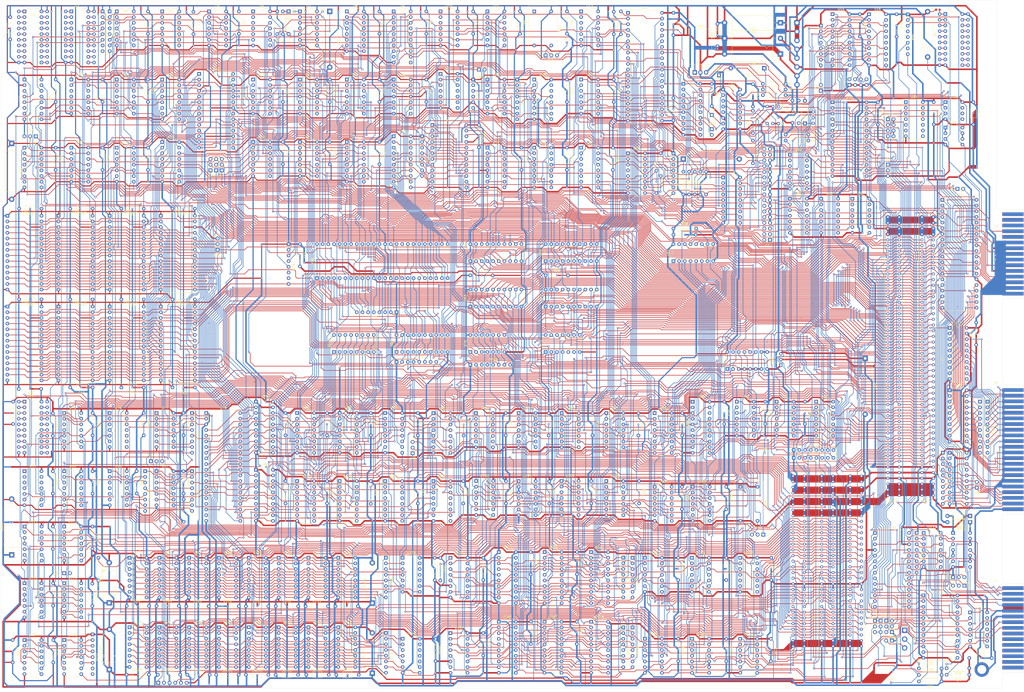
<source format=kicad_pcb>
(kicad_pcb (version 20171130) (host pcbnew "(5.1.10-1-10_14)")
  (layers (0 F.Cu signal) (1 In1.Cu signal) (2 In2.Cu signal) (31 B.Cu signal) (34 B.Paste user) (35 F.Paste user) (36 B.SilkS user) (37 F.SilkS user) (38 B.Mask user) (39 F.Mask user) (44 Edge.Cuts user))
  (net 0 "")
  (net 1 /CPU/R0034)
  (net 2 /CPU/R0033)
  (net 3 /ROM/R0007)
  (net 4 /ROM/PG001)
  (net 5 /ROM/PG000)
  (net 6 /ROM/PG006)
  (net 7 +5P)
  (net 8 ~DS)
  (net 9 ~RESET)
  (net 10 /ROM/PG007)
  (net 11 /CPU/R0028)
  (net 12 /CPU/R0035)
  (net 13 /Timings/R1102)
  (net 14 /CPU/PK002)
  (net 15 /CPU/PK000)
  (net 16 /CPU/PK001)
  (net 17 /CPU/PK003)
  (net 18 "Net-(U8-Pad15)")
  (net 19 /CPU/PK022)
  (net 20 "Net-(U8-Pad14)")
  (net 21 ST3)
  (net 22 "Net-(U8-Pad12)")
  (net 23 "Net-(U8-Pad11)")
  (net 24 ST2)
  (net 25 "Net-(U8-Pad10)")
  (net 26 ST1)
  (net 27 /CPU/PZ116)
  (net 28 ST0)
  (net 29 "Net-(U9-Pad9)")
  (net 30 CPU.ST0)
  (net 31 "Net-(U9-Pad17)")
  (net 32 "Net-(U9-Pad7)")
  (net 33 CPU.ST1)
  (net 34 "Net-(U9-Pad15)")
  (net 35 CPU.ST2)
  (net 36 "Net-(U9-Pad13)")
  (net 37 "Net-(U9-Pad3)")
  (net 38 CPU.ST3)
  (net 39 "Net-(U9-Pad11)")
  (net 40 /CPU/PK014)
  (net 41 /CPU/PK017)
  (net 42 /CPU/PK016)
  (net 43 /CPU/PK015)
  (net 44 "Net-(U58-Pad17)")
  (net 45 /CPU/PK004)
  (net 46 /CPU/PK013)
  (net 47 /CPU/R0706)
  (net 48 /CPU/R0705)
  (net 49 /CPU/PK011)
  (net 50 /CPU/PK012)
  (net 51 GND)
  (net 52 High1)
  (net 53 /CLK_IO/PM002)
  (net 54 /CLK_IO/PM005)
  (net 55 /CLK_IO/PM012)
  (net 56 /CLK_IO/PM010)
  (net 57 /CLK_IO/PM011)
  (net 58 /CLK_IO/PZ128)
  (net 59 /CLK_IO/PM006)
  (net 60 /CLK_IO/PM003)
  (net 61 IO_PIC)
  (net 62 IO_TIMER)
  (net 63 /CLK_IO/PM004)
  (net 64 "Net-(U1-Pad19)")
  (net 65 "Net-(U1-Pad18)")
  (net 66 "Net-(U1-Pad17)")
  (net 67 "Net-(U1-Pad16)")
  (net 68 "Net-(U1-Pad15)")
  (net 69 "Net-(U1-Pad14)")
  (net 70 "Net-(U1-Pad13)")
  (net 71 "Net-(U1-Pad12)")
  (net 72 "Net-(U1-Pad11)")
  (net 73 "Net-(U1-Pad29)")
  (net 74 "Net-(U1-Pad28)")
  (net 75 "Net-(U1-Pad27)")
  (net 76 "Net-(U1-Pad26)")
  (net 77 "Net-(U1-Pad25)")
  (net 78 "Net-(U1-Pad24)")
  (net 79 "Net-(U1-Pad23)")
  (net 80 "Net-(U1-Pad1)")
  (net 81 "Net-(U1-Pad2)")
  (net 82 "Net-(U2-Pad1)")
  (net 83 "Net-(U2-Pad12)")
  (net 84 "Net-(U2-Pad23)")
  (net 85 "Net-(U2-Pad13)")
  (net 86 "Net-(U2-Pad24)")
  (net 87 "Net-(U2-Pad14)")
  (net 88 "Net-(U2-Pad25)")
  (net 89 "Net-(U2-Pad15)")
  (net 90 "Net-(U2-Pad26)")
  (net 91 "Net-(U2-Pad16)")
  (net 92 "Net-(U2-Pad27)")
  (net 93 "Net-(U2-Pad17)")
  (net 94 "Net-(U2-Pad28)")
  (net 95 "Net-(U2-Pad18)")
  (net 96 "Net-(U2-Pad29)")
  (net 97 "Net-(U2-Pad19)")
  (net 98 "Net-(U2-Pad2)")
  (net 99 "Net-(U2-Pad11)")
  (net 100 /ROM/R2907)
  (net 101 /ROM/PG013)
  (net 102 "Net-(U18-Pad6)")
  (net 103 "Net-(RP1-Pad8)")
  (net 104 "Net-(RP1-Pad7)")
  (net 105 /ROM/R3907)
  (net 106 /ROM/R2007)
  (net 107 /ROM/PG008)
  (net 108 /ROM/PG009)
  (net 109 /ROM/PG017)
  (net 110 PZ030)
  (net 111 /ROM/PG010)
  (net 112 /ROM/PG012)
  (net 113 /ROM/PG016)
  (net 114 "Net-(U36-Pad7)")
  (net 115 "Net-(U36-Pad14)")
  (net 116 /ROM/PG014)
  (net 117 "Net-(U36-Pad13)")
  (net 118 /ROM/PG018)
  (net 119 "Net-(U36-Pad12)")
  (net 120 /ROM/PG011)
  (net 121 PL001)
  (net 122 CPU.CLK)
  (net 123 PL014)
  (net 124 PL015)
  (net 125 PL013)
  (net 126 PL012)
  (net 127 PL000)
  (net 128 "Net-(U78-Pad19)")
  (net 129 "Net-(U78-Pad17)")
  (net 130 "Net-(U78-Pad16)")
  (net 131 "Net-(U78-Pad34)")
  (net 132 IO_CRTC)
  (net 133 PCLK)
  (net 134 /State/PF029)
  (net 135 /State/PF022)
  (net 136 "Net-(U109-Pad1)")
  (net 137 +5VA)
  (net 138 +12V)
  (net 139 -5V)
  (net 140 -12V)
  (net 141 CLK.2)
  (net 142 /CPU/PK030)
  (net 143 /CPU/PK031)
  (net 144 /CPU/PK005)
  (net 145 /CLK_IO/PM017)
  (net 146 /CLK_IO/PM018)
  (net 147 "Net-(U21-Pad15)")
  (net 148 "Net-(U21-Pad7)")
  (net 149 AAA08)
  (net 150 "Net-(U21-Pad12)")
  (net 151 IO_REG)
  (net 152 "Net-(U21-Pad10)")
  (net 153 "Net-(U21-Pad9)")
  (net 154 IO_FDC)
  (net 155 "Net-(U39-Pad7)")
  (net 156 IO_LATCH)
  (net 157 "Net-(U39-Pad13)")
  (net 158 IO_PIO)
  (net 159 /CLK_IO/PM019)
  (net 160 /CLK_IO/PM016)
  (net 161 ~RD)
  (net 162 "Net-(U12-Pad1)")
  (net 163 CPU.~DS)
  (net 164 CPU.~MREQ)
  (net 165 CPU.~AS)
  (net 166 CPU.B~W)
  (net 167 CPU.N~S)
  (net 168 ~RDIO)
  (net 169 "Net-(U22-Pad23)")
  (net 170 "Net-(U22-Pad18)")
  (net 171 "Net-(U22-Pad16)")
  (net 172 "Net-(U131-Pad18)")
  (net 173 "Net-(U131-Pad16)")
  (net 174 "Net-(U5-Pad5)")
  (net 175 AAA01)
  (net 176 "Net-(RP8-Pad5)")
  (net 177 "Net-(U6-Pad8)")
  (net 178 KBD_RxD)
  (net 179 IO_KBD)
  (net 180 VI_ACK)
  (net 181 /CPU/PK042)
  (net 182 /CPU/PK041)
  (net 183 ~BOOT)
  (net 184 "Net-(RP2-Pad5)")
  (net 185 "Net-(RP2-Pad4)")
  (net 186 "Net-(RP2-Pad3)")
  (net 187 "Net-(U20-Pad2)")
  (net 188 "Net-(U20-Pad1)")
  (net 189 ROM-A15)
  (net 190 ROM-A14)
  (net 191 SN0)
  (net 192 SN1)
  (net 193 SN2)
  (net 194 SN3)
  (net 195 "Net-(U113-Pad3)")
  (net 196 "Net-(U113-Pad2)")
  (net 197 "Net-(U74-Pad1)")
  (net 198 "Net-(U74-Pad12)")
  (net 199 "Net-(U74-Pad13)")
  (net 200 "Net-(U74-Pad14)")
  (net 201 "Net-(U74-Pad15)")
  (net 202 "Net-(U74-Pad16)")
  (net 203 "Net-(U74-Pad17)")
  (net 204 "Net-(U74-Pad18)")
  (net 205 "Net-(U74-Pad19)")
  (net 206 "Net-(U74-Pad2)")
  (net 207 "Net-(U74-Pad11)")
  (net 208 "Net-(U74-Pad29)")
  (net 209 "Net-(U74-Pad28)")
  (net 210 "Net-(U74-Pad27)")
  (net 211 "Net-(U74-Pad26)")
  (net 212 "Net-(U74-Pad25)")
  (net 213 "Net-(U74-Pad24)")
  (net 214 "Net-(U74-Pad23)")
  (net 215 "Net-(U43-Pad19)")
  (net 216 "Net-(U43-Pad18)")
  (net 217 /Timings/PB000)
  (net 218 /Timings/PB007)
  (net 219 /Timings/PB001)
  (net 220 /Timings/PB008)
  (net 221 /Timings/PB002)
  (net 222 /Timings/PB003)
  (net 223 /Timings/PB004)
  (net 224 /Timings/PB005)
  (net 225 /Timings/PB006)
  (net 226 "Net-(U69-Pad9)")
  (net 227 ~AS)
  (net 228 N~S)
  (net 229 ~MREQ)
  (net 230 B~W)
  (net 231 "Net-(U69-Pad12)")
  (net 232 "Net-(U69-Pad11)")
  (net 233 CPU.~BUSACK)
  (net 234 AAA07)
  (net 235 AAA03)
  (net 236 AAA06)
  (net 237 AAA02)
  (net 238 AAA05)
  (net 239 AAA04)
  (net 240 AAA00)
  (net 241 DDD15)
  (net 242 AAA15)
  (net 243 AAA11)
  (net 244 AAA14)
  (net 245 AAA10)
  (net 246 AAA13)
  (net 247 AAA09)
  (net 248 AAA12)
  (net 249 CPU.~WAIT)
  (net 250 "/AD Mux/PL024")
  (net 251 AS)
  (net 252 CLK.4MHz)
  (net 253 "Net-(U46-Pad15)")
  (net 254 "Net-(U46-Pad14)")
  (net 255 /CLK_IO/R1402)
  (net 256 "Net-(U14-Pad38)")
  (net 257 "Net-(U14-Pad22)")
  (net 258 "Net-(U14-Pad1)")
  (net 259 ~SWAIT)
  (net 260 PG015)
  (net 261 BOOT)
  (net 262 /Timings/PB011)
  (net 263 ~SRAM)
  (net 264 ~DRAM)
  (net 265 /Timings/XA.25.6)
  (net 266 /Timings/PB010)
  (net 267 /Timings/XA.104.12)
  (net 268 /Timings/XA.76.6)
  (net 269 /CPU/XA.4.4)
  (net 270 ~ROM)
  (net 271 /FDC+Latch/PA019)
  (net 272 IO_SER)
  (net 273 "Net-(U4-Pad13)")
  (net 274 "Net-(U4-Pad12)")
  (net 275 "Net-(U4-Pad11)")
  (net 276 "Net-(U4-Pad10)")
  (net 277 "Net-(U4-Pad9)")
  (net 278 "Net-(U4-Pad2)")
  (net 279 "Net-(U4-Pad8)")
  (net 280 "Net-(U4-Pad1)")
  (net 281 ~SCLK)
  (net 282 /CPU/XR.2.2)
  (net 283 "Net-(U6-Pad6)")
  (net 284 "Net-(U6-Pad5)")
  (net 285 "Net-(U6-Pad4)")
  (net 286 "Net-(U6-Pad3)")
  (net 287 "Net-(U6-Pad2)")
  (net 288 "Net-(U6-Pad1)")
  (net 289 /CPU/PK040)
  (net 290 XA.10.8)
  (net 291 XA.23.6)
  (net 292 ~WRIO)
  (net 293 /ROM/XA.23.11)
  (net 294 MREQ)
  (net 295 DS)
  (net 296 "Net-(U38-Pad13)")
  (net 297 "Net-(U38-Pad12)")
  (net 298 "Net-(U38-Pad2)")
  (net 299 "Net-(U38-Pad1)")
  (net 300 ~CPU_OP)
  (net 301 INT_KBD_TX)
  (net 302 INT_KBD_RX)
  (net 303 RESET)
  (net 304 CLK.2MHz)
  (net 305 /DRAM/PD000)
  (net 306 PZ025)
  (net 307 /ROM/XA.25.8)
  (net 308 "Net-(U92-Pad5)")
  (net 309 /CPU/PK006)
  (net 310 BW_VIDEO)
  (net 311 VSYNC)
  (net 312 HSYNC)
  (net 313 VSYNC_EXT)
  (net 314 "Net-(U61-Pad15)")
  (net 315 RED)
  (net 316 GREEN)
  (net 317 BLUE)
  (net 318 ROM-TSN0)
  (net 319 ROM-TSN1)
  (net 320 ROM-TSN2)
  (net 321 /Timings/R1105)
  (net 322 /CLK_IO/PM013)
  (net 323 ~BUSACKOUT)
  (net 324 "Net-(U11-Pad6)")
  (net 325 "Net-(U11-Pad9)")
  (net 326 "Net-(U29-Pad15)")
  (net 327 "Net-(U29-Pad12)")
  (net 328 "Net-(U29-Pad11)")
  (net 329 "Net-(U45-Pad14)")
  (net 330 "Net-(U45-Pad13)")
  (net 331 "Net-(U45-Pad12)")
  (net 332 SN6)
  (net 333 SN5)
  (net 334 SN4)
  (net 335 "Net-(U9-Pad5)")
  (net 336 NC1)
  (net 337 XA.5.9)
  (net 338 MEM?)
  (net 339 "Net-(U102-Pad13)")
  (net 340 "Net-(U102-Pad12)")
  (net 341 "Net-(U102-Pad11)")
  (net 342 "Net-(U102-Pad10)")
  (net 343 /CRTC/PE001)
  (net 344 /CRTC/PE000)
  (net 345 /CRTC/PE011)
  (net 346 /CRTC/PE010)
  (net 347 /CRTC/PE009)
  (net 348 /CRTC/PE008)
  (net 349 /CRTC/PE007)
  (net 350 /CRTC/PE006)
  (net 351 /CRTC/PE005)
  (net 352 /CRTC/PE004)
  (net 353 /CRTC/PE003)
  (net 354 /CRTC/PE002)
  (net 355 ~SRESET)
  (net 356 "Net-(U41-Pad13)")
  (net 357 "Net-(U41-Pad10)")
  (net 358 "Net-(U41-Pad9)")
  (net 359 PM001)
  (net 360 EXT_PCLK)
  (net 361 /ROM/XA.27.4)
  (net 362 SCLOCK)
  (net 363 ~WAIT)
  (net 364 /DRAM/PD029)
  (net 365 /CLK_IO/RP5F)
  (net 366 /CLK_IO/RP5A)
  (net 367 "Net-(RP5-Pad6)")
  (net 368 /Timings/PZ023)
  (net 369 /CRTC/PE012)
  (net 370 DispEn)
  (net 371 /CRTC/PE013)
  (net 372 /CRTC/PE014)
  (net 373 /CRTC/PE015)
  (net 374 VI)
  (net 375 NMI)
  (net 376 NVI)
  (net 377 KBD_TxD)
  (net 378 /Timings/PB024)
  (net 379 /DRAM/PD025)
  (net 380 /Timings/PB036)
  (net 381 CAS.H)
  (net 382 /FDC+Latch/PA017)
  (net 383 /FDC+Latch/PA016)
  (net 384 /FDC+Latch/PA015)
  (net 385 /FDC+Latch/PA012)
  (net 386 /FDC+Latch/PA084)
  (net 387 /FDC+Latch/PA003)
  (net 388 "Net-(U16-Pad16)")
  (net 389 /FDC+Latch/PA002)
  (net 390 "Net-(U16-Pad15)")
  (net 391 /FDC+Latch/PA001)
  (net 392 "Net-(U16-Pad12)")
  (net 393 /FDC+Latch/PA000)
  (net 394 /FDC+Latch/PA022)
  (net 395 /FDC+Latch/PA010)
  (net 396 /FDC+Latch/PA006)
  (net 397 /FDC+Latch/PA007)
  (net 398 /FDC+Latch/PA005)
  (net 399 /FDC+Latch/PA024)
  (net 400 "Net-(U14-Pad29)")
  (net 401 "Net-(U47-Pad4)")
  (net 402 PC_OR_VT)
  (net 403 MEMDIS)
  (net 404 "Net-(U58-Pad33)")
  (net 405 "Net-(RP5-Pad4)")
  (net 406 "Net-(U29-Pad14)")
  (net 407 "Net-(RP5-Pad5)")
  (net 408 CLK_TIMER)
  (net 409 BRIGHT)
  (net 410 CLK.1MHz)
  (net 411 BUSRQ)
  (net 412 "Net-(J2-Pad34)")
  (net 413 "Net-(J2-Pad33)")
  (net 414 "Net-(J2-Pad31)")
  (net 415 WriteGate)
  (net 416 "Net-(J2-Pad14)")
  (net 417 "Net-(J2-Pad6)")
  (net 418 "Net-(J2-Pad5)")
  (net 419 "Net-(J2-Pad4)")
  (net 420 "Net-(J2-Pad3)")
  (net 421 "Net-(J2-Pad2)")
  (net 422 "Net-(J2-Pad1)")
  (net 423 "Net-(U70-Pad3)")
  (net 424 HSYNC_EXT)
  (net 425 "Net-(J5-Pad10)")
  (net 426 "Net-(J5-Pad9)")
  (net 427 "Net-(J5-Pad7)")
  (net 428 "Net-(J5-Pad6)")
  (net 429 "Net-(J5-Pad5)")
  (net 430 "Net-(J5-Pad4)")
  (net 431 "Net-(J5-Pad3)")
  (net 432 "Net-(J5-Pad2)")
  (net 433 "Net-(J5-Pad1)")
  (net 434 VT_CS)
  (net 435 /Timings/PB023)
  (net 436 /Timings/PB022)
  (net 437 VT_WE)
  (net 438 VT_LATCH)
  (net 439 /DRAM/PD030.2)
  (net 440 /DRAM/PD031.2)
  (net 441 /DRAM/PD030.1)
  (net 442 /DRAM/PD031.1)
  (net 443 "Net-(U75-Pad11)")
  (net 444 "Net-(U75-Pad3)")
  (net 445 "Net-(U77-Pad10)")
  (net 446 "Net-(RP13-Pad7)")
  (net 447 "Net-(RP13-Pad6)")
  (net 448 WE.L)
  (net 449 WE.H)
  (net 450 /DRAM/PD003.2)
  (net 451 /DRAM/PD003.1)
  (net 452 /Latch/PC027)
  (net 453 D3)
  (net 454 /Latch/PC026)
  (net 455 D2)
  (net 456 D6)
  (net 457 /Latch/PC030)
  (net 458 D7)
  (net 459 /Latch/PC031)
  (net 460 /Latch/PC028)
  (net 461 D4)
  (net 462 /Latch/PC029)
  (net 463 D5)
  (net 464 /Latch/PC025)
  (net 465 D1)
  (net 466 /Latch/PC024)
  (net 467 D0)
  (net 468 /Latch/PC035)
  (net 469 D11)
  (net 470 /Latch/PC034)
  (net 471 D10)
  (net 472 D14)
  (net 473 /Latch/PC038)
  (net 474 D15)
  (net 475 /Latch/PC039)
  (net 476 /Latch/PC036)
  (net 477 D12)
  (net 478 /Latch/PC037)
  (net 479 D13)
  (net 480 /Latch/PC033)
  (net 481 D9)
  (net 482 /Latch/PC032)
  (net 483 D8)
  (net 484 /DRAM/PD011)
  (net 485 /DRAM/PD013)
  (net 486 /DRAM/PD021)
  (net 487 /DRAM/PD009)
  (net 488 /DRAM/PD015)
  (net 489 /DRAM/PD017)
  (net 490 /DRAM/PD019)
  (net 491 /DRAM/PD024)
  (net 492 /Timings/PB040)
  (net 493 PZ024)
  (net 494 /DRAM/PD028.2)
  (net 495 /DRAM/PD027.1)
  (net 496 /DRAM/PD028.1)
  (net 497 MA11)
  (net 498 MA0)
  (net 499 MA6)
  (net 500 MA5)
  (net 501 MA2)
  (net 502 MA10)
  (net 503 RA0)
  (net 504 RA3)
  (net 505 MA7)
  (net 506 MA8)
  (net 507 MA4)
  (net 508 MA3)
  (net 509 MA9)
  (net 510 MA1)
  (net 511 RA1)
  (net 512 RA2)
  (net 513 /DRAM/PD032)
  (net 514 /DRAM/PD007.2)
  (net 515 /DRAM/PD005.2)
  (net 516 "Net-(RP20-Pad7)")
  (net 517 /DRAM/PD004.2)
  (net 518 /DRAM/PD027.2)
  (net 519 /DRAM/PD007.1)
  (net 520 /DRAM/PD005.1)
  (net 521 /DRAM/PD004.1)
  (net 522 "Net-(RP20-Pad6)")
  (net 523 IORQ)
  (net 524 /DRAM/PD026.2)
  (net 525 /DRAM/PD026.1)
  (net 526 CPU.RW)
  (net 527 RD)
  (net 528 DDD01)
  (net 529 DDD03)
  (net 530 DDD05)
  (net 531 DDD07)
  (net 532 DDD09)
  (net 533 DDD11)
  (net 534 DDD13)
  (net 535 DDD00)
  (net 536 DDD02)
  (net 537 DDD04)
  (net 538 DDD06)
  (net 539 DDD08)
  (net 540 DDD10)
  (net 541 DDD12)
  (net 542 DDD14)
  (net 543 /FDC+Latch/PA023)
  (net 544 Step)
  (net 545 /FDC+Latch/PA027)
  (net 546 Direction)
  (net 547 /FDC+Latch/PA026)
  (net 548 WriteData)
  (net 549 /FDC+Latch/PA011)
  (net 550 /FDC+Latch/PA025)
  (net 551 SideSelect)
  (net 552 "Net-(U30-Pad4)")
  (net 553 "Net-(U30-Pad3)")
  (net 554 /FDC+Latch/PA018)
  (net 555 /FDC+Latch/PA009)
  (net 556 /FDC+Latch/PA008)
  (net 557 /FDC+Latch/PA031)
  (net 558 Index)
  (net 559 "Net-(U47-Pad7)")
  (net 560 "Net-(U47-Pad6)")
  (net 561 "Net-(U47-Pad5)")
  (net 562 "Net-(U47-Pad12)")
  (net 563 /FDC+Latch/PA032)
  (net 564 "Net-(C47-Pad1)")
  (net 565 "Net-(RP7-Pad2)")
  (net 566 "Net-(U48-Pad15)")
  (net 567 "Net-(U48-Pad14)")
  (net 568 "Net-(U48-Pad13)")
  (net 569 "Net-(U48-Pad4)")
  (net 570 "Net-(U48-Pad5)")
  (net 571 "Net-(C46-Pad2)")
  (net 572 "Net-(C46-Pad1)")
  (net 573 Track0)
  (net 574 WriteProtect)
  (net 575 INT_FDC)
  (net 576 /FDC+Latch/PA086)
  (net 577 "Net-(U49-Pad8)")
  (net 578 "Net-(U49-Pad16)")
  (net 579 "Net-(U49-Pad15)")
  (net 580 "Net-(U49-Pad6)")
  (net 581 "Net-(U49-Pad14)")
  (net 582 "Net-(U49-Pad13)")
  (net 583 "Net-(U49-Pad4)")
  (net 584 "Net-(U49-Pad12)")
  (net 585 "Net-(U49-Pad2)")
  (net 586 "Net-(U49-Pad10)")
  (net 587 /FDC+Latch/PA080)
  (net 588 /FDC+Latch/PA083)
  (net 589 /FDC+Latch/PA081)
  (net 590 /FDC+Latch/PA082)
  (net 591 "Net-(C29-Pad1)")
  (net 592 /FDC+Latch/PA046)
  (net 593 "Net-(RP7-Pad4)")
  (net 594 "Net-(RP7-Pad5)")
  (net 595 out_buf_en)
  (net 596 wr_buf_en)
  (net 597 "Net-(U32-Pad13)")
  (net 598 "Net-(U32-Pad12)")
  (net 599 "Net-(U32-Pad11)")
  (net 600 "Net-(U32-Pad10)")
  (net 601 ReadData)
  (net 602 MotorOn)
  (net 603 Select2)
  (net 604 Select1)
  (net 605 "Net-(U72-Pad15)")
  (net 606 PZ065)
  (net 607 "Net-(U90-Pad6)")
  (net 608 /State/PF017)
  (net 609 /FDC+Latch/PA085)
  (net 610 "Net-(R18-Pad2)")
  (net 611 /State/PF011)
  (net 612 /State/PF012)
  (net 613 COMVI2)
  (net 614 INT_SER_TX)
  (net 615 /CPU/PK037)
  (net 616 INT_SER_RX)
  (net 617 /CPU/PK034)
  (net 618 /CPU/PK033)
  (net 619 "Net-(R6-Pad2)")
  (net 620 /State/PF031)
  (net 621 CAS2)
  (net 622 CAS1)
  (net 623 CAS0)
  (net 624 /State/PF013)
  (net 625 "Net-(U89-Pad18)")
  (net 626 "Net-(U89-Pad8)")
  (net 627 "Net-(U89-Pad16)")
  (net 628 "Net-(U89-Pad6)")
  (net 629 "Net-(U89-Pad14)")
  (net 630 "Net-(U89-Pad4)")
  (net 631 "Net-(U89-Pad12)")
  (net 632 "Net-(U89-Pad2)")
  (net 633 "Net-(UA28-Pad4)")
  (net 634 "Net-(UA28-Pad2)")
  (net 635 /State/PF081)
  (net 636 NC2)
  (net 637 "Net-(U52-Pad6)")
  (net 638 "Net-(U92-Pad8)")
  (net 639 /State/RP14E)
  (net 640 SYSINT)
  (net 641 /State/PF015)
  (net 642 /CPU/PK038)
  (net 643 "Net-(R21-Pad2)")
  (net 644 /FDC+Latch/PA087)
  (net 645 "Net-(U112-Pad6)")
  (net 646 "Net-(U111-Pad3)")
  (net 647 "Net-(U111-Pad6)")
  (net 648 "Net-(J7-Pad30)")
  (net 649 "Net-(J7-Pad29)")
  (net 650 "Net-(J7-Pad28)")
  (net 651 "Net-(J7-Pad27)")
  (net 652 "Net-(J7-Pad26)")
  (net 653 "Net-(J7-Pad25)")
  (net 654 "Net-(J7-Pad24)")
  (net 655 "Net-(J7-Pad23)")
  (net 656 "Net-(J7-Pad22)")
  (net 657 "Net-(J7-Pad21)")
  (net 658 "Net-(J7-Pad20)")
  (net 659 "Net-(J7-Pad19)")
  (net 660 "Net-(J7-Pad18)")
  (net 661 "Net-(J7-Pad17)")
  (net 662 "Net-(J7-Pad15)")
  (net 663 "Net-(J7-Pad14)")
  (net 664 V24:RING_IND)
  (net 665 V24:RX)
  (net 666 V24:TX)
  (net 667 PL008)
  (net 668 PL007)
  (net 669 PL006)
  (net 670 PL004)
  (net 671 PL005)
  (net 672 PL003)
  (net 673 PL002)
  (net 674 PL011)
  (net 675 PL010)
  (net 676 PL009)
  (net 677 /PIO/PJ017)
  (net 678 /PIO/PJ016)
  (net 679 /PIO/PJ018)
  (net 680 /PIO/PJ019)
  (net 681 /PIO/PJ020)
  (net 682 /PIO/PJ021)
  (net 683 /PIO/PJ004)
  (net 684 /PIO/PJ010)
  (net 685 /PIO/PJ005)
  (net 686 /PIO/PJ009)
  (net 687 /PIO/PJ006)
  (net 688 /PIO/PJ008)
  (net 689 /PIO/PJ007)
  (net 690 /PIO/PJ015)
  (net 691 /PIO/PJ014)
  (net 692 /PIO/PJ000)
  (net 693 /PIO/PJ013)
  (net 694 /PIO/PJ001)
  (net 695 /PIO/PJ012)
  (net 696 /PIO/PJ002)
  (net 697 /PIO/PJ011)
  (net 698 /PIO/PJ003)
  (net 699 "Net-(J6-Pad44)")
  (net 700 PAR:DB7)
  (net 701 PAR:DB6)
  (net 702 PAR:DB5)
  (net 703 PAR:DB4)
  (net 704 PAR:DB3)
  (net 705 PAR:DB2)
  (net 706 PAR:DB1)
  (net 707 PAR:DB0)
  (net 708 PAR:Strobe)
  (net 709 PRGND)
  (net 710 PAR:PC7_OBF)
  (net 711 PAR:PC3)
  (net 712 PAR:PC2)
  (net 713 PAR:PC1)
  (net 714 PAR:PC0)
  (net 715 PAR:PB7)
  (net 716 PAR:PB6)
  (net 717 PAR:PB0)
  (net 718 PAR:DEMAND)
  (net 719 PAR:ERROR)
  (net 720 PAR:SELECT)
  (net 721 PAR:PAPER_EMPTY)
  (net 722 PAR:BUSY)
  (net 723 PAR:ACK)
  (net 724 /PIO/R0302)
  (net 725 V24:SDET)
  (net 726 RING_IND)
  (net 727 SDET)
  (net 728 /Serial/PH039)
  (net 729 /Serial/PH040)
  (net 730 PAR:PC4)
  (net 731 "Net-(RP4-Pad6)")
  (net 732 "Net-(U114-Pad3)")
  (net 733 "Net-(U111-Pad10)")
  (net 734 "Net-(U114-Pad5)")
  (net 735 "Net-(U134-Pad12)")
  (net 736 "Net-(U134-Pad8)")
  (net 737 /Timings/R1102.B)
  (net 738 "Net-(U135-Pad12)")
  (net 739 /Timings/R1102.D)
  (net 740 /Timings/R1102.E)
  (net 741 /Timings/R1102.A)
  (net 742 /Timings/XA.111.8)
  (net 743 "Net-(U84-Pad13)")
  (net 744 "Net-(U84-Pad5)")
  (net 745 "Net-(U84-Pad11)")
  (net 746 "Net-(U84-Pad3)")
  (net 747 "Net-(U84-Pad9)")
  (net 748 "Net-(U84-Pad2)")
  (net 749 "Net-(U134-Pad6)")
  (net 750 /Timings/R1102.C)
  (net 751 /State/PF016)
  (net 752 X.108.4)
  (net 753 /Timings/X.134.9)
  (net 754 "Net-(U113-Pad12)")
  (net 755 "Net-(U113-Pad10)")
  (net 756 PZ017)
  (net 757 "Net-(JP1-Pad2)")
  (net 758 "Net-(JP1-Pad1)")
  (net 759 "Net-(U105-Pad11)")
  (net 760 "Net-(U105-Pad3)")
  (net 761 CASC)
  (net 762 VDMX-CRTC)
  (net 763 PB043)
  (net 764 "Net-(RP26-Pad7)")
  (net 765 "Net-(RP20-Pad2)")
  (net 766 CAS.L)
  (net 767 "Net-(RP21-Pad7)")
  (net 768 "Net-(RP21-Pad6)")
  (net 769 "Net-(RP21-Pad4)")
  (net 770 "Net-(RP21-Pad2)")
  (net 771 "Net-(U99-Pad15)")
  (net 772 "Net-(U99-Pad7)")
  (net 773 "Net-(U99-Pad14)")
  (net 774 "Net-(U99-Pad6)")
  (net 775 "Net-(U99-Pad13)")
  (net 776 "Net-(U99-Pad5)")
  (net 777 "Net-(U99-Pad12)")
  (net 778 "Net-(U99-Pad4)")
  (net 779 "Net-(U99-Pad11)")
  (net 780 "Net-(U99-Pad3)")
  (net 781 "Net-(U99-Pad10)")
  (net 782 "Net-(U99-Pad2)")
  (net 783 "Net-(U99-Pad9)")
  (net 784 "Net-(U99-Pad1)")
  (net 785 "Net-(U100-Pad15)")
  (net 786 "Net-(U100-Pad7)")
  (net 787 "Net-(U100-Pad14)")
  (net 788 "Net-(U100-Pad6)")
  (net 789 "Net-(U100-Pad13)")
  (net 790 "Net-(U100-Pad5)")
  (net 791 "Net-(U100-Pad12)")
  (net 792 "Net-(U100-Pad4)")
  (net 793 "Net-(U100-Pad11)")
  (net 794 "Net-(U100-Pad3)")
  (net 795 "Net-(U100-Pad10)")
  (net 796 "Net-(U100-Pad2)")
  (net 797 "Net-(U100-Pad9)")
  (net 798 "Net-(U100-Pad1)")
  (net 799 PZ022)
  (net 800 /Timings/Delay+200)
  (net 801 /Timings/Delay+50)
  (net 802 /Timings/Delay+100)
  (net 803 /Timings/Delay+150)
  (net 804 /Timings/Delay+250)
  (net 805 "Net-(U101-Pad15)")
  (net 806 "Net-(U101-Pad7)")
  (net 807 "Net-(U101-Pad14)")
  (net 808 "Net-(U101-Pad6)")
  (net 809 "Net-(U101-Pad13)")
  (net 810 "Net-(U101-Pad5)")
  (net 811 "Net-(U101-Pad12)")
  (net 812 "Net-(U101-Pad4)")
  (net 813 "Net-(U101-Pad11)")
  (net 814 "Net-(U101-Pad3)")
  (net 815 "Net-(U101-Pad10)")
  (net 816 "Net-(U101-Pad2)")
  (net 817 "Net-(U101-Pad9)")
  (net 818 "Net-(U101-Pad1)")
  (net 819 MX4)
  (net 820 MX5)
  (net 821 "Net-(R20-Pad2)")
  (net 822 "Net-(RP12-Pad8)")
  (net 823 /DRAM/PD018)
  (net 824 MX6)
  (net 825 /DRAM/PD020)
  (net 826 /DRAM/PD016)
  (net 827 MX7)
  (net 828 "Net-(U151-Pad11)")
  (net 829 "Net-(U151-Pad3)")
  (net 830 PZ040)
  (net 831 MX2)
  (net 832 MX3)
  (net 833 MX0)
  (net 834 MX1)
  (net 835 /Latch/PC020)
  (net 836 /Latch/PC018)
  (net 837 /Latch/PC014)
  (net 838 /Latch/PC017)
  (net 839 /Latch/PC013)
  (net 840 /Latch/PC016)
  (net 841 /Latch/PC012)
  (net 842 /Latch/PC015)
  (net 843 /Latch/PC011)
  (net 844 GRAPH_DG)
  (net 845 "Net-(U102-Pad9)")
  (net 846 ADX0)
  (net 847 "Net-(RP12-Pad4)")
  (net 848 "Net-(RP12-Pad3)")
  (net 849 ~BUSACKIN)
  (net 850 "Net-(U34-Pad6)")
  (net 851 "Net-(U34-Pad5)")
  (net 852 "Net-(U34-Pad11)")
  (net 853 "Net-(U34-Pad4)")
  (net 854 "Net-(U34-Pad10)")
  (net 855 "Net-(U34-Pad3)")
  (net 856 "Net-(U34-Pad9)")
  (net 857 "Net-(U34-Pad1)")
  (net 858 VINTACK)
  (net 859 COL4^8)
  (net 860 32^128)
  (net 861 BW^COL)
  (net 862 /FDC+Latch/PA004)
  (net 863 SPARE1)
  (net 864 "Net-(RP3-Pad7)")
  (net 865 "Net-(U17-Pad12)")
  (net 866 "Net-(U17-Pad23)")
  (net 867 "Net-(U17-Pad13)")
  (net 868 "Net-(U17-Pad24)")
  (net 869 "Net-(U17-Pad14)")
  (net 870 "Net-(U17-Pad25)")
  (net 871 "Net-(U17-Pad15)")
  (net 872 "Net-(U17-Pad26)")
  (net 873 "Net-(U17-Pad16)")
  (net 874 "Net-(U17-Pad27)")
  (net 875 "Net-(U17-Pad17)")
  (net 876 "Net-(U17-Pad28)")
  (net 877 "Net-(U17-Pad18)")
  (net 878 "Net-(U17-Pad29)")
  (net 879 "Net-(U17-Pad19)")
  (net 880 "Net-(U17-Pad2)")
  (net 881 "Net-(U17-Pad11)")
  (net 882 "Net-(U34-Pad13)")
  (net 883 "Net-(U34-Pad12)")
  (net 884 "Net-(U34-Pad2)")
  (net 885 "Net-(U34-Pad8)")
  (net 886 "Net-(JP7-Pad1)")
  (net 887 PZ041)
  (net 888 /State/PF020)
  (net 889 /State/PF018)
  (net 890 /State/PF019)
  (net 891 /State/R1402)
  (net 892 DX0)
  (net 893 /Latch/PC010)
  (net 894 /Latch/PC006)
  (net 895 /Latch/PC009)
  (net 896 /Latch/PC005)
  (net 897 /Latch/PC008)
  (net 898 /Latch/PC004)
  (net 899 /Latch/PC007)
  (net 900 /Latch/PC003)
  (net 901 /Timings/X.RP12A)
  (net 902 /Timings/X.103.3)
  (net 903 PC002)
  (net 904 COLOR_CS3)
  (net 905 COLOR_CS2)
  (net 906 COLOR_CS1)
  (net 907 BANKH)
  (net 908 BANK1)
  (net 909 BANK0)
  (net 910 /Timings/X.103.6)
  (net 911 -PCLK)
  (net 912 /Latch/PC019)
  (net 913 /Latch/PC023)
  (net 914 CPU_OR_CRT)
  (net 915 PZ020)
  (net 916 XA.95.1)
  (net 917 /Timings/X.104.6)
  (net 918 Byte+0)
  (net 919 Byte+1)
  (net 920 LE_PIXEL)
  (net 921 /Latch/SRAM)
  (net 922 PIO.PC0)
  (net 923 PIO.PC3)
  (net 924 INT5)
  (net 925 INT6)
  (net 926 /Timings/A0=0)
  (net 927 "Net-(U107-Pad11)")
  (net 928 "Net-(U107-Pad3)")
  (net 929 /Timings/PB035)
  (net 930 /Timings/PB039)
  (net 931 GraphLD2)
  (net 932 PIXEL_CLK)
  (net 933 "Net-(U107-Pad2)")
  (net 934 X.107.6)
  (net 935 GraphLD2.2)
  (net 936 /State/color_write)
  (net 937 PB040.2)
  (net 938 /State/PF021)
  (net 939 /DRAM/ras.int)
  (net 940 "Net-(U130-Pad3)")
  (net 941 "Net-(RP14-Pad2)")
  (net 942 /Serial/PH022)
  (net 943 /Serial/PH038)
  (net 944 "Net-(RP24-Pad2)")
  (net 945 COMVI1)
  (net 946 /PIO/PJ022)
  (net 947 NVI_ACK)
  (net 948 /PIO/R4907)
  (net 949 RASU.1)
  (net 950 BWCS1)
  (net 951 PXL.1)
  (net 952 RASU.2)
  (net 953 BWCS2)
  (net 954 PXL.2)
  (net 955 RASU.3)
  (net 956 BWCS3)
  (net 957 PXL.3)
  (net 958 V24:RXCLK)
  (net 959 RXCLK)
  (net 960 VTin)
  (net 961 V24:TXCLKA)
  (net 962 V24:DTR)
  (net 963 Bl.DTR)
  (net 964 /Serial/PH011)
  (net 965 V24:DSR)
  (net 966 V24:RTS)
  (net 967 V24:CTS)
  (net 968 V24:TXCKB)
  (net 969 "Net-(RP7-Pad8)")
  (net 970 "Net-(RP7-Pad6)")
  (net 971 "Net-(RP14-Pad8)")
  (net 972 VTbl)
  (net 973 VTgr)
  (net 974 VTrd)
  (net 975 /State/PF023)
  (net 976 BL.SerClk)
  (net 977 "Net-(R29-Pad2)")
  (net 978 SerClk)
  (net 979 SER_TXC)
  (net 980 /CRTC/PZ054)
  (net 981 /Serial/PH020)
  (net 982 /Serial/PH010)
  (net 983 /Serial/PH008)
  (net 984 "Net-(JP19-Pad2)")
  (net 985 /Serial/PH009)
  (net 986 /Serial/PH007)
  (net 987 /Serial/PH004)
  (net 988 "Net-(RP24-Pad4)")
  (net 989 /Serial/PH006)
  (net 990 /Serial/PH005)
  (net 991 "Net-(RP24-Pad5)")
  (net 992 "Net-(RP24-Pad3)")
  (net 993 "Net-(D3-Pad1)")
  (net 994 /Serial/PH012)
  (net 995 /Serial/PH013)
  (net 996 "Net-(D2-Pad2)")
  (net 997 "Net-(U153-Pad13)")
  (net 998 "Net-(U153-Pad12)")
  (net 999 "Net-(U153-Pad11)")
  (net 1000 "Net-(RP8-Pad7)")
  (net 1001 "Net-(RP8-Pad6)")
  (net 1002 "Net-(U50-Pad2)")
  (net 1003 "Net-(U50-Pad1)")
  (net 1004 "Net-(U51-Pad6)")
  (net 1005 "Net-(U51-Pad5)")
  (net 1006 "Net-(U51-Pad11)")
  (net 1007 "Net-(U51-Pad10)")
  (net 1008 "Net-(U51-Pad9)")
  (net 1009 "Net-(U51-Pad8)")
  (net 1010 "Net-(RP15-Pad2)")
  (module Capacitor_THT:CP_Axial_L18.0mm_D6.5mm_P25.00mm_Horizontal (layer F.Cu) (at 45.085 281.305 90)
    (fp_text reference C101 (at 12.5 -4.37 90) (layer F.SilkS))
    (fp_text value 22µ)
    (pad 2 thru_hole oval (at 25 0 90) (size 2.4 2.4) (drill 1.2) (layers *.Cu *.Mask) (net 51 GND))
    (pad 1 thru_hole rect (at 0 0 90) (size 2.4 2.4) (drill 1.2) (layers *.Cu *.Mask) (net 7 +5P))
  )
  (module Capacitor_THT:CP_Axial_L18.0mm_D6.5mm_P25.00mm_Horizontal (layer F.Cu) (at 388.855 43.18 180)
    (fp_text reference C13 (at 12.5 -4.37) (layer F.SilkS))
    (fp_text value 47µ)
    (pad 2 thru_hole oval (at 25 0 180) (size 2.4 2.4) (drill 1.2) (layers *.Cu *.Mask) (net 51 GND))
    (pad 1 thru_hole rect (at 0 0 180) (size 2.4 2.4) (drill 1.2) (layers *.Cu *.Mask) (net 7 +5P))
  )
  (module Capacitor_THT:C_Axial_L3.8mm_D2.6mm_P10.00mm_Horizontal (layer F.Cu) (at 360.68 53.688 90)
    (fp_text reference C12 (at 5 -2.42 90) (layer F.SilkS))
    (fp_text value 100n)
    (pad 2 thru_hole oval (at 10 0 90) (size 1.6 1.6) (drill 0.8) (layers *.Cu *.Mask) (net 51 GND))
    (pad 1 thru_hole circle (at 0 0 90) (size 1.6 1.6) (drill 0.8) (layers *.Cu *.Mask) (net 138 +12V))
  )
  (module Capacitor_THT:C_Axial_L3.8mm_D2.6mm_P10.00mm_Horizontal (layer F.Cu) (at 314.325 38.26 270)
    (fp_text reference C10 (at 5 -2.42 90) (layer F.SilkS))
    (fp_text value 100n)
    (pad 2 thru_hole oval (at 10 0 270) (size 1.6 1.6) (drill 0.8) (layers *.Cu *.Mask) (net 51 GND))
    (pad 1 thru_hole circle (at 0 0 270) (size 1.6 1.6) (drill 0.8) (layers *.Cu *.Mask) (net 7 +5P))
  )
  (module LOET.DE.foot:Spare20 (layer F.Cu) (at 50.8 212.725)
    (fp_text reference U74 (at 2.54 -2.54) (layer F.SilkS))
    (fp_text value Spare20 hide)
    (pad 1 thru_hole rect (at 0 0) (size 1.6 1.6) (drill 0.8) (layers *.Cu *.Mask) (net 197 "Net-(U74-Pad1)"))
    (pad 12 thru_hole oval (at 7.62 20.32) (size 1.6 1.6) (drill 0.8) (layers *.Cu *.Mask) (net 198 "Net-(U74-Pad12)"))
    (pad 3 thru_hole oval (at 0 5.08) (size 1.6 1.6) (drill 0.8) (layers *.Cu *.Mask) (net 214 "Net-(U74-Pad23)"))
    (pad 13 thru_hole oval (at 7.62 17.78) (size 1.6 1.6) (drill 0.8) (layers *.Cu *.Mask) (net 199 "Net-(U74-Pad13)"))
    (pad 4 thru_hole oval (at 0 7.62) (size 1.6 1.6) (drill 0.8) (layers *.Cu *.Mask) (net 213 "Net-(U74-Pad24)"))
    (pad 14 thru_hole oval (at 7.62 15.24) (size 1.6 1.6) (drill 0.8) (layers *.Cu *.Mask) (net 200 "Net-(U74-Pad14)"))
    (pad 5 thru_hole oval (at 0 10.16) (size 1.6 1.6) (drill 0.8) (layers *.Cu *.Mask) (net 212 "Net-(U74-Pad25)"))
    (pad 15 thru_hole oval (at 7.62 12.7) (size 1.6 1.6) (drill 0.8) (layers *.Cu *.Mask) (net 201 "Net-(U74-Pad15)"))
    (pad 6 thru_hole oval (at 0 12.7) (size 1.6 1.6) (drill 0.8) (layers *.Cu *.Mask) (net 211 "Net-(U74-Pad26)"))
    (pad 16 thru_hole oval (at 7.62 10.16) (size 1.6 1.6) (drill 0.8) (layers *.Cu *.Mask) (net 202 "Net-(U74-Pad16)"))
    (pad 7 thru_hole oval (at 0 15.24) (size 1.6 1.6) (drill 0.8) (layers *.Cu *.Mask) (net 210 "Net-(U74-Pad27)"))
    (pad 17 thru_hole oval (at 7.62 7.62) (size 1.6 1.6) (drill 0.8) (layers *.Cu *.Mask) (net 203 "Net-(U74-Pad17)"))
    (pad 8 thru_hole oval (at 0 17.78) (size 1.6 1.6) (drill 0.8) (layers *.Cu *.Mask) (net 209 "Net-(U74-Pad28)"))
    (pad 18 thru_hole oval (at 7.62 5.08) (size 1.6 1.6) (drill 0.8) (layers *.Cu *.Mask) (net 204 "Net-(U74-Pad18)"))
    (pad 9 thru_hole oval (at 0 20.32) (size 1.6 1.6) (drill 0.8) (layers *.Cu *.Mask) (net 208 "Net-(U74-Pad29)"))
    (pad 19 thru_hole oval (at 7.62 2.54) (size 1.6 1.6) (drill 0.8) (layers *.Cu *.Mask) (net 205 "Net-(U74-Pad19)"))
    (pad 10 thru_hole oval (at 0 22.86) (size 1.6 1.6) (drill 0.8) (layers *.Cu *.Mask) (net 51 GND))
    (pad 20 thru_hole oval (at 7.62 0) (size 1.6 1.6) (drill 0.8) (layers *.Cu *.Mask) (net 7 +5P))
    (pad 2 thru_hole oval (at 0 2.54) (size 1.6 1.6) (drill 0.8) (layers *.Cu *.Mask) (net 206 "Net-(U74-Pad2)"))
    (pad 11 thru_hole oval (at 7.62 22.86) (size 1.6 1.6) (drill 0.8) (layers *.Cu *.Mask) (net 207 "Net-(U74-Pad11)"))
    (pad 40 thru_hole circle (at 10.16 0) (size 1.524 1.524) (drill 0.762) (layers *.Cu *.Mask) (net 7 +5P))
    (pad 39 thru_hole circle (at 10.16 2.54) (size 1.524 1.524) (drill 0.762) (layers *.Cu *.Mask) (net 205 "Net-(U74-Pad19)"))
    (pad 38 thru_hole circle (at 10.16 5.08) (size 1.524 1.524) (drill 0.762) (layers *.Cu *.Mask) (net 204 "Net-(U74-Pad18)"))
    (pad 37 thru_hole circle (at 10.16 7.62) (size 1.524 1.524) (drill 0.762) (layers *.Cu *.Mask) (net 203 "Net-(U74-Pad17)"))
    (pad 36 thru_hole circle (at 10.16 10.16) (size 1.524 1.524) (drill 0.762) (layers *.Cu *.Mask) (net 202 "Net-(U74-Pad16)"))
    (pad 35 thru_hole circle (at 10.16 12.7) (size 1.524 1.524) (drill 0.762) (layers *.Cu *.Mask) (net 201 "Net-(U74-Pad15)"))
    (pad 34 thru_hole circle (at 10.16 15.24) (size 1.524 1.524) (drill 0.762) (layers *.Cu *.Mask) (net 200 "Net-(U74-Pad14)"))
    (pad 33 thru_hole circle (at 10.16 17.78) (size 1.524 1.524) (drill 0.762) (layers *.Cu *.Mask) (net 199 "Net-(U74-Pad13)"))
    (pad 32 thru_hole circle (at 10.16 20.32) (size 1.524 1.524) (drill 0.762) (layers *.Cu *.Mask) (net 198 "Net-(U74-Pad12)"))
    (pad 31 thru_hole circle (at 10.16 22.86) (size 1.524 1.524) (drill 0.762) (layers *.Cu *.Mask) (net 207 "Net-(U74-Pad11)"))
    (pad 30 thru_hole circle (at -2.54 22.86) (size 1.524 1.524) (drill 0.762) (layers *.Cu *.Mask) (net 51 GND))
    (pad 29 thru_hole circle (at -2.54 20.32) (size 1.524 1.524) (drill 0.762) (layers *.Cu *.Mask) (net 208 "Net-(U74-Pad29)"))
    (pad 28 thru_hole circle (at -2.54 17.78) (size 1.524 1.524) (drill 0.762) (layers *.Cu *.Mask) (net 209 "Net-(U74-Pad28)"))
    (pad 27 thru_hole circle (at -2.54 15.24) (size 1.524 1.524) (drill 0.762) (layers *.Cu *.Mask) (net 210 "Net-(U74-Pad27)"))
    (pad 26 thru_hole circle (at -2.54 12.7) (size 1.524 1.524) (drill 0.762) (layers *.Cu *.Mask) (net 211 "Net-(U74-Pad26)"))
    (pad 25 thru_hole circle (at -2.54 10.16) (size 1.524 1.524) (drill 0.762) (layers *.Cu *.Mask) (net 212 "Net-(U74-Pad25)"))
    (pad 24 thru_hole circle (at -2.54 7.62) (size 1.524 1.524) (drill 0.762) (layers *.Cu *.Mask) (net 213 "Net-(U74-Pad24)"))
    (pad 23 thru_hole circle (at -2.54 5.08) (size 1.524 1.524) (drill 0.762) (layers *.Cu *.Mask) (net 214 "Net-(U74-Pad23)"))
    (pad 21 thru_hole circle (at -2.54 0) (size 1.524 1.524) (drill 0.762) (layers *.Cu *.Mask) (net 197 "Net-(U74-Pad1)"))
    (pad 22 thru_hole circle (at -2.54 2.54) (size 1.524 1.524) (drill 0.762) (layers *.Cu *.Mask) (net 206 "Net-(U74-Pad2)"))
  )
  (module LOET.DE.foot:Spare20 (layer F.Cu) (at 462.5594 39.2938)
    (fp_text reference U17 (at 2.54 -2.54) (layer F.SilkS))
    (fp_text value Spare20 hide)
    (pad 1 thru_hole rect (at 0 0) (size 1.6 1.6) (drill 0.8) (layers *.Cu *.Mask) (net 51 GND))
    (pad 12 thru_hole oval (at 7.62 20.32) (size 1.6 1.6) (drill 0.8) (layers *.Cu *.Mask) (net 865 "Net-(U17-Pad12)"))
    (pad 3 thru_hole oval (at 0 5.08) (size 1.6 1.6) (drill 0.8) (layers *.Cu *.Mask) (net 866 "Net-(U17-Pad23)"))
    (pad 13 thru_hole oval (at 7.62 17.78) (size 1.6 1.6) (drill 0.8) (layers *.Cu *.Mask) (net 867 "Net-(U17-Pad13)"))
    (pad 4 thru_hole oval (at 0 7.62) (size 1.6 1.6) (drill 0.8) (layers *.Cu *.Mask) (net 868 "Net-(U17-Pad24)"))
    (pad 14 thru_hole oval (at 7.62 15.24) (size 1.6 1.6) (drill 0.8) (layers *.Cu *.Mask) (net 869 "Net-(U17-Pad14)"))
    (pad 5 thru_hole oval (at 0 10.16) (size 1.6 1.6) (drill 0.8) (layers *.Cu *.Mask) (net 870 "Net-(U17-Pad25)"))
    (pad 15 thru_hole oval (at 7.62 12.7) (size 1.6 1.6) (drill 0.8) (layers *.Cu *.Mask) (net 871 "Net-(U17-Pad15)"))
    (pad 6 thru_hole oval (at 0 12.7) (size 1.6 1.6) (drill 0.8) (layers *.Cu *.Mask) (net 872 "Net-(U17-Pad26)"))
    (pad 16 thru_hole oval (at 7.62 10.16) (size 1.6 1.6) (drill 0.8) (layers *.Cu *.Mask) (net 873 "Net-(U17-Pad16)"))
    (pad 7 thru_hole oval (at 0 15.24) (size 1.6 1.6) (drill 0.8) (layers *.Cu *.Mask) (net 874 "Net-(U17-Pad27)"))
    (pad 17 thru_hole oval (at 7.62 7.62) (size 1.6 1.6) (drill 0.8) (layers *.Cu *.Mask) (net 875 "Net-(U17-Pad17)"))
    (pad 8 thru_hole oval (at 0 17.78) (size 1.6 1.6) (drill 0.8) (layers *.Cu *.Mask) (net 876 "Net-(U17-Pad28)"))
    (pad 18 thru_hole oval (at 7.62 5.08) (size 1.6 1.6) (drill 0.8) (layers *.Cu *.Mask) (net 877 "Net-(U17-Pad18)"))
    (pad 9 thru_hole oval (at 0 20.32) (size 1.6 1.6) (drill 0.8) (layers *.Cu *.Mask) (net 878 "Net-(U17-Pad29)"))
    (pad 19 thru_hole oval (at 7.62 2.54) (size 1.6 1.6) (drill 0.8) (layers *.Cu *.Mask) (net 879 "Net-(U17-Pad19)"))
    (pad 10 thru_hole oval (at 0 22.86) (size 1.6 1.6) (drill 0.8) (layers *.Cu *.Mask) (net 51 GND))
    (pad 20 thru_hole oval (at 7.62 0) (size 1.6 1.6) (drill 0.8) (layers *.Cu *.Mask) (net 7 +5P))
    (pad 2 thru_hole oval (at 0 2.54) (size 1.6 1.6) (drill 0.8) (layers *.Cu *.Mask) (net 880 "Net-(U17-Pad2)"))
    (pad 11 thru_hole oval (at 7.62 22.86) (size 1.6 1.6) (drill 0.8) (layers *.Cu *.Mask) (net 881 "Net-(U17-Pad11)"))
    (pad 40 thru_hole circle (at 10.16 0) (size 1.524 1.524) (drill 0.762) (layers *.Cu *.Mask) (net 7 +5P))
    (pad 39 thru_hole circle (at 10.16 2.54) (size 1.524 1.524) (drill 0.762) (layers *.Cu *.Mask) (net 879 "Net-(U17-Pad19)"))
    (pad 38 thru_hole circle (at 10.16 5.08) (size 1.524 1.524) (drill 0.762) (layers *.Cu *.Mask) (net 877 "Net-(U17-Pad18)"))
    (pad 37 thru_hole circle (at 10.16 7.62) (size 1.524 1.524) (drill 0.762) (layers *.Cu *.Mask) (net 875 "Net-(U17-Pad17)"))
    (pad 36 thru_hole circle (at 10.16 10.16) (size 1.524 1.524) (drill 0.762) (layers *.Cu *.Mask) (net 873 "Net-(U17-Pad16)"))
    (pad 35 thru_hole circle (at 10.16 12.7) (size 1.524 1.524) (drill 0.762) (layers *.Cu *.Mask) (net 871 "Net-(U17-Pad15)"))
    (pad 34 thru_hole circle (at 10.16 15.24) (size 1.524 1.524) (drill 0.762) (layers *.Cu *.Mask) (net 869 "Net-(U17-Pad14)"))
    (pad 33 thru_hole circle (at 10.16 17.78) (size 1.524 1.524) (drill 0.762) (layers *.Cu *.Mask) (net 867 "Net-(U17-Pad13)"))
    (pad 32 thru_hole circle (at 10.16 20.32) (size 1.524 1.524) (drill 0.762) (layers *.Cu *.Mask) (net 865 "Net-(U17-Pad12)"))
    (pad 31 thru_hole circle (at 10.16 22.86) (size 1.524 1.524) (drill 0.762) (layers *.Cu *.Mask) (net 881 "Net-(U17-Pad11)"))
    (pad 30 thru_hole circle (at -2.54 22.86) (size 1.524 1.524) (drill 0.762) (layers *.Cu *.Mask) (net 51 GND))
    (pad 29 thru_hole circle (at -2.54 20.32) (size 1.524 1.524) (drill 0.762) (layers *.Cu *.Mask) (net 878 "Net-(U17-Pad29)"))
    (pad 28 thru_hole circle (at -2.54 17.78) (size 1.524 1.524) (drill 0.762) (layers *.Cu *.Mask) (net 876 "Net-(U17-Pad28)"))
    (pad 27 thru_hole circle (at -2.54 15.24) (size 1.524 1.524) (drill 0.762) (layers *.Cu *.Mask) (net 874 "Net-(U17-Pad27)"))
    (pad 26 thru_hole circle (at -2.54 12.7) (size 1.524 1.524) (drill 0.762) (layers *.Cu *.Mask) (net 872 "Net-(U17-Pad26)"))
    (pad 25 thru_hole circle (at -2.54 10.16) (size 1.524 1.524) (drill 0.762) (layers *.Cu *.Mask) (net 870 "Net-(U17-Pad25)"))
    (pad 24 thru_hole circle (at -2.54 7.62) (size 1.524 1.524) (drill 0.762) (layers *.Cu *.Mask) (net 868 "Net-(U17-Pad24)"))
    (pad 23 thru_hole circle (at -2.54 5.08) (size 1.524 1.524) (drill 0.762) (layers *.Cu *.Mask) (net 866 "Net-(U17-Pad23)"))
    (pad 21 thru_hole circle (at -2.54 0) (size 1.524 1.524) (drill 0.762) (layers *.Cu *.Mask) (net 51 GND))
    (pad 22 thru_hole circle (at -2.54 2.54) (size 1.524 1.524) (drill 0.762) (layers *.Cu *.Mask) (net 880 "Net-(U17-Pad2)"))
  )
  (module LOET.DE.foot:Spare20 (layer F.Cu) (at 71.755 38.1)
    (fp_text reference U2 (at 2.54 -2.54) (layer F.SilkS))
    (fp_text value Spare20 hide)
    (pad 1 thru_hole rect (at 0 0) (size 1.6 1.6) (drill 0.8) (layers *.Cu *.Mask) (net 82 "Net-(U2-Pad1)"))
    (pad 12 thru_hole oval (at 7.62 20.32) (size 1.6 1.6) (drill 0.8) (layers *.Cu *.Mask) (net 83 "Net-(U2-Pad12)"))
    (pad 3 thru_hole oval (at 0 5.08) (size 1.6 1.6) (drill 0.8) (layers *.Cu *.Mask) (net 84 "Net-(U2-Pad23)"))
    (pad 13 thru_hole oval (at 7.62 17.78) (size 1.6 1.6) (drill 0.8) (layers *.Cu *.Mask) (net 85 "Net-(U2-Pad13)"))
    (pad 4 thru_hole oval (at 0 7.62) (size 1.6 1.6) (drill 0.8) (layers *.Cu *.Mask) (net 86 "Net-(U2-Pad24)"))
    (pad 14 thru_hole oval (at 7.62 15.24) (size 1.6 1.6) (drill 0.8) (layers *.Cu *.Mask) (net 87 "Net-(U2-Pad14)"))
    (pad 5 thru_hole oval (at 0 10.16) (size 1.6 1.6) (drill 0.8) (layers *.Cu *.Mask) (net 88 "Net-(U2-Pad25)"))
    (pad 15 thru_hole oval (at 7.62 12.7) (size 1.6 1.6) (drill 0.8) (layers *.Cu *.Mask) (net 89 "Net-(U2-Pad15)"))
    (pad 6 thru_hole oval (at 0 12.7) (size 1.6 1.6) (drill 0.8) (layers *.Cu *.Mask) (net 90 "Net-(U2-Pad26)"))
    (pad 16 thru_hole oval (at 7.62 10.16) (size 1.6 1.6) (drill 0.8) (layers *.Cu *.Mask) (net 91 "Net-(U2-Pad16)"))
    (pad 7 thru_hole oval (at 0 15.24) (size 1.6 1.6) (drill 0.8) (layers *.Cu *.Mask) (net 92 "Net-(U2-Pad27)"))
    (pad 17 thru_hole oval (at 7.62 7.62) (size 1.6 1.6) (drill 0.8) (layers *.Cu *.Mask) (net 93 "Net-(U2-Pad17)"))
    (pad 8 thru_hole oval (at 0 17.78) (size 1.6 1.6) (drill 0.8) (layers *.Cu *.Mask) (net 94 "Net-(U2-Pad28)"))
    (pad 18 thru_hole oval (at 7.62 5.08) (size 1.6 1.6) (drill 0.8) (layers *.Cu *.Mask) (net 95 "Net-(U2-Pad18)"))
    (pad 9 thru_hole oval (at 0 20.32) (size 1.6 1.6) (drill 0.8) (layers *.Cu *.Mask) (net 96 "Net-(U2-Pad29)"))
    (pad 19 thru_hole oval (at 7.62 2.54) (size 1.6 1.6) (drill 0.8) (layers *.Cu *.Mask) (net 97 "Net-(U2-Pad19)"))
    (pad 10 thru_hole oval (at 0 22.86) (size 1.6 1.6) (drill 0.8) (layers *.Cu *.Mask) (net 51 GND))
    (pad 20 thru_hole oval (at 7.62 0) (size 1.6 1.6) (drill 0.8) (layers *.Cu *.Mask) (net 7 +5P))
    (pad 2 thru_hole oval (at 0 2.54) (size 1.6 1.6) (drill 0.8) (layers *.Cu *.Mask) (net 98 "Net-(U2-Pad2)"))
    (pad 11 thru_hole oval (at 7.62 22.86) (size 1.6 1.6) (drill 0.8) (layers *.Cu *.Mask) (net 99 "Net-(U2-Pad11)"))
    (pad 40 thru_hole circle (at 10.16 0) (size 1.524 1.524) (drill 0.762) (layers *.Cu *.Mask) (net 7 +5P))
    (pad 39 thru_hole circle (at 10.16 2.54) (size 1.524 1.524) (drill 0.762) (layers *.Cu *.Mask) (net 97 "Net-(U2-Pad19)"))
    (pad 38 thru_hole circle (at 10.16 5.08) (size 1.524 1.524) (drill 0.762) (layers *.Cu *.Mask) (net 95 "Net-(U2-Pad18)"))
    (pad 37 thru_hole circle (at 10.16 7.62) (size 1.524 1.524) (drill 0.762) (layers *.Cu *.Mask) (net 93 "Net-(U2-Pad17)"))
    (pad 36 thru_hole circle (at 10.16 10.16) (size 1.524 1.524) (drill 0.762) (layers *.Cu *.Mask) (net 91 "Net-(U2-Pad16)"))
    (pad 35 thru_hole circle (at 10.16 12.7) (size 1.524 1.524) (drill 0.762) (layers *.Cu *.Mask) (net 89 "Net-(U2-Pad15)"))
    (pad 34 thru_hole circle (at 10.16 15.24) (size 1.524 1.524) (drill 0.762) (layers *.Cu *.Mask) (net 87 "Net-(U2-Pad14)"))
    (pad 33 thru_hole circle (at 10.16 17.78) (size 1.524 1.524) (drill 0.762) (layers *.Cu *.Mask) (net 85 "Net-(U2-Pad13)"))
    (pad 32 thru_hole circle (at 10.16 20.32) (size 1.524 1.524) (drill 0.762) (layers *.Cu *.Mask) (net 83 "Net-(U2-Pad12)"))
    (pad 31 thru_hole circle (at 10.16 22.86) (size 1.524 1.524) (drill 0.762) (layers *.Cu *.Mask) (net 99 "Net-(U2-Pad11)"))
    (pad 30 thru_hole circle (at -2.54 22.86) (size 1.524 1.524) (drill 0.762) (layers *.Cu *.Mask) (net 51 GND))
    (pad 29 thru_hole circle (at -2.54 20.32) (size 1.524 1.524) (drill 0.762) (layers *.Cu *.Mask) (net 96 "Net-(U2-Pad29)"))
    (pad 28 thru_hole circle (at -2.54 17.78) (size 1.524 1.524) (drill 0.762) (layers *.Cu *.Mask) (net 94 "Net-(U2-Pad28)"))
    (pad 27 thru_hole circle (at -2.54 15.24) (size 1.524 1.524) (drill 0.762) (layers *.Cu *.Mask) (net 92 "Net-(U2-Pad27)"))
    (pad 26 thru_hole circle (at -2.54 12.7) (size 1.524 1.524) (drill 0.762) (layers *.Cu *.Mask) (net 90 "Net-(U2-Pad26)"))
    (pad 25 thru_hole circle (at -2.54 10.16) (size 1.524 1.524) (drill 0.762) (layers *.Cu *.Mask) (net 88 "Net-(U2-Pad25)"))
    (pad 24 thru_hole circle (at -2.54 7.62) (size 1.524 1.524) (drill 0.762) (layers *.Cu *.Mask) (net 86 "Net-(U2-Pad24)"))
    (pad 23 thru_hole circle (at -2.54 5.08) (size 1.524 1.524) (drill 0.762) (layers *.Cu *.Mask) (net 84 "Net-(U2-Pad23)"))
    (pad 21 thru_hole circle (at -2.54 0) (size 1.524 1.524) (drill 0.762) (layers *.Cu *.Mask) (net 82 "Net-(U2-Pad1)"))
    (pad 22 thru_hole circle (at -2.54 2.54) (size 1.524 1.524) (drill 0.762) (layers *.Cu *.Mask) (net 98 "Net-(U2-Pad2)"))
  )
  (module Package_DIP:DIP-14_W7.62mm (layer F.Cu) (at 473.6465 307.0225)
    (fp_text reference U153 (at 3.81 -2.33) (layer F.SilkS))
    (fp_text value 75189)
    (pad 14 thru_hole oval (at 7.62 0) (size 1.6 1.6) (drill 0.8) (layers *.Cu *.Mask) (net 7 +5P))
    (pad 7 thru_hole oval (at 0 15.24) (size 1.6 1.6) (drill 0.8) (layers *.Cu *.Mask) (net 51 GND))
    (pad 13 thru_hole oval (at 7.62 2.54) (size 1.6 1.6) (drill 0.8) (layers *.Cu *.Mask) (net 997 "Net-(U153-Pad13)"))
    (pad 6 thru_hole oval (at 0 12.7) (size 1.6 1.6) (drill 0.8) (layers *.Cu *.Mask) (net 727 SDET))
    (pad 12 thru_hole oval (at 7.62 5.08) (size 1.6 1.6) (drill 0.8) (layers *.Cu *.Mask) (net 998 "Net-(U153-Pad12)"))
    (pad 5 thru_hole oval (at 0 10.16) (size 1.6 1.6) (drill 0.8) (layers *.Cu *.Mask) (net 728 /Serial/PH039))
    (pad 11 thru_hole oval (at 7.62 7.62) (size 1.6 1.6) (drill 0.8) (layers *.Cu *.Mask) (net 999 "Net-(U153-Pad11)"))
    (pad 4 thru_hole oval (at 0 7.62) (size 1.6 1.6) (drill 0.8) (layers *.Cu *.Mask) (net 725 V24:SDET))
    (pad 10 thru_hole oval (at 7.62 10.16) (size 1.6 1.6) (drill 0.8) (layers *.Cu *.Mask) (net 958 V24:RXCLK))
    (pad 3 thru_hole oval (at 0 5.08) (size 1.6 1.6) (drill 0.8) (layers *.Cu *.Mask) (net 726 RING_IND))
    (pad 9 thru_hole oval (at 7.62 12.7) (size 1.6 1.6) (drill 0.8) (layers *.Cu *.Mask) (net 943 /Serial/PH038))
    (pad 2 thru_hole oval (at 0 2.54) (size 1.6 1.6) (drill 0.8) (layers *.Cu *.Mask) (net 729 /Serial/PH040))
    (pad 8 thru_hole oval (at 7.62 15.24) (size 1.6 1.6) (drill 0.8) (layers *.Cu *.Mask) (net 959 RXCLK))
    (pad 1 thru_hole rect (at 0 0) (size 1.6 1.6) (drill 0.8) (layers *.Cu *.Mask) (net 664 V24:RING_IND))
  )
  (module Package_DIP:DIP-14_W7.62mm (layer F.Cu) (at 466.0265 271.4625)
    (fp_text reference U133 (at 3.81 -2.33) (layer F.SilkS))
    (fp_text value 75188)
    (pad 14 thru_hole oval (at 7.62 0) (size 1.6 1.6) (drill 0.8) (layers *.Cu *.Mask) (net 993 "Net-(D3-Pad1)"))
    (pad 7 thru_hole oval (at 0 15.24) (size 1.6 1.6) (drill 0.8) (layers *.Cu *.Mask) (net 51 GND))
    (pad 13 thru_hole oval (at 7.62 2.54) (size 1.6 1.6) (drill 0.8) (layers *.Cu *.Mask) (net 995 /Serial/PH013))
    (pad 6 thru_hole oval (at 0 12.7) (size 1.6 1.6) (drill 0.8) (layers *.Cu *.Mask) (net 666 V24:TX))
    (pad 12 thru_hole oval (at 7.62 5.08) (size 1.6 1.6) (drill 0.8) (layers *.Cu *.Mask) (net 995 /Serial/PH013))
    (pad 5 thru_hole oval (at 0 10.16) (size 1.6 1.6) (drill 0.8) (layers *.Cu *.Mask) (net 985 /Serial/PH009))
    (pad 11 thru_hole oval (at 7.62 7.62) (size 1.6 1.6) (drill 0.8) (layers *.Cu *.Mask) (net 962 V24:DTR))
    (pad 4 thru_hole oval (at 0 7.62) (size 1.6 1.6) (drill 0.8) (layers *.Cu *.Mask) (net 985 /Serial/PH009))
    (pad 10 thru_hole oval (at 7.62 10.16) (size 1.6 1.6) (drill 0.8) (layers *.Cu *.Mask) (net 994 /Serial/PH012))
    (pad 3 thru_hole oval (at 0 5.08) (size 1.6 1.6) (drill 0.8) (layers *.Cu *.Mask) (net 961 V24:TXCLKA))
    (pad 9 thru_hole oval (at 7.62 12.7) (size 1.6 1.6) (drill 0.8) (layers *.Cu *.Mask) (net 994 /Serial/PH012))
    (pad 2 thru_hole oval (at 0 2.54) (size 1.6 1.6) (drill 0.8) (layers *.Cu *.Mask) (net 942 /Serial/PH022))
    (pad 8 thru_hole oval (at 7.62 15.24) (size 1.6 1.6) (drill 0.8) (layers *.Cu *.Mask) (net 966 V24:RTS))
    (pad 1 thru_hole rect (at 0 0) (size 1.6 1.6) (drill 0.8) (layers *.Cu *.Mask) (net 996 "Net-(D2-Pad2)"))
  )
  (module Package_DIP:DIP-14_W7.62mm (layer F.Cu) (at 452.882 271.4625)
    (fp_text reference U132 (at 3.81 -2.33) (layer F.SilkS))
    (fp_text value 75189)
    (pad 14 thru_hole oval (at 7.62 0) (size 1.6 1.6) (drill 0.8) (layers *.Cu *.Mask) (net 7 +5P))
    (pad 7 thru_hole oval (at 0 15.24) (size 1.6 1.6) (drill 0.8) (layers *.Cu *.Mask) (net 51 GND))
    (pad 13 thru_hole oval (at 7.62 2.54) (size 1.6 1.6) (drill 0.8) (layers *.Cu *.Mask) (net 965 V24:DSR))
    (pad 6 thru_hole oval (at 0 12.7) (size 1.6 1.6) (drill 0.8) (layers *.Cu *.Mask) (net 990 /Serial/PH005))
    (pad 12 thru_hole oval (at 7.62 5.08) (size 1.6 1.6) (drill 0.8) (layers *.Cu *.Mask) (net 992 "Net-(RP24-Pad3)"))
    (pad 5 thru_hole oval (at 0 10.16) (size 1.6 1.6) (drill 0.8) (layers *.Cu *.Mask) (net 988 "Net-(RP24-Pad4)"))
    (pad 11 thru_hole oval (at 7.62 7.62) (size 1.6 1.6) (drill 0.8) (layers *.Cu *.Mask) (net 983 /Serial/PH008))
    (pad 4 thru_hole oval (at 0 7.62) (size 1.6 1.6) (drill 0.8) (layers *.Cu *.Mask) (net 968 V24:TXCKB))
    (pad 10 thru_hole oval (at 7.62 10.16) (size 1.6 1.6) (drill 0.8) (layers *.Cu *.Mask) (net 967 V24:CTS))
    (pad 3 thru_hole oval (at 0 5.08) (size 1.6 1.6) (drill 0.8) (layers *.Cu *.Mask) (net 987 /Serial/PH004))
    (pad 9 thru_hole oval (at 7.62 12.7) (size 1.6 1.6) (drill 0.8) (layers *.Cu *.Mask) (net 991 "Net-(RP24-Pad5)"))
    (pad 2 thru_hole oval (at 0 2.54) (size 1.6 1.6) (drill 0.8) (layers *.Cu *.Mask) (net 944 "Net-(RP24-Pad2)"))
    (pad 8 thru_hole oval (at 7.62 15.24) (size 1.6 1.6) (drill 0.8) (layers *.Cu *.Mask) (net 989 /Serial/PH006))
    (pad 1 thru_hole rect (at 0 0) (size 1.6 1.6) (drill 0.8) (layers *.Cu *.Mask) (net 665 V24:RX))
  )
  (module Capacitor_THT:C_Axial_L3.8mm_D2.6mm_P10.00mm_Horizontal (layer F.Cu) (at 473.3036 327.4568)
    (fp_text reference C142 (at 5 -2.42) (layer F.SilkS))
    (fp_text value 100n)
    (pad 2 thru_hole oval (at 10 0) (size 1.6 1.6) (drill 0.8) (layers *.Cu *.Mask) (net 51 GND))
    (pad 1 thru_hole circle (at 0 0) (size 1.6 1.6) (drill 0.8) (layers *.Cu *.Mask) (net 7 +5P))
  )
  (module Resistor_THT:R_Axial_DIN0207_L6.3mm_D2.5mm_P10.16mm_Horizontal (layer F.Cu) (at 473.3036 332.0288 180)
    (fp_text reference R28 (at 5.08 -2.37) (layer F.SilkS))
    (fp_text value 1k)
    (pad 2 thru_hole oval (at 10.16 0 180) (size 1.6 1.6) (drill 0.8) (layers *.Cu *.Mask) (net 976 BL.SerClk))
    (pad 1 thru_hole circle (at 0 0 180) (size 1.6 1.6) (drill 0.8) (layers *.Cu *.Mask) (net 7 +5P))
  )
  (module Diode_THT:D_A-405_P10.16mm_Horizontal (layer F.Cu) (at 473.6592 266.6492 180)
    (fp_text reference D3 (at 5.08 -2.47) (layer F.SilkS))
    (fp_text value 4148)
    (fp_text user K (at 0 -1.9) (layer F.SilkS))
    (pad 2 thru_hole oval (at 10.16 0 180) (size 1.8 1.8) (drill 0.9) (layers *.Cu *.Mask) (net 138 +12V))
    (pad 1 thru_hole rect (at 0 0 180) (size 1.8 1.8) (drill 0.9) (layers *.Cu *.Mask) (net 993 "Net-(D3-Pad1)"))
  )
  (module Diode_THT:D_A-405_P10.16mm_Horizontal (layer F.Cu) (at 473.6592 263.8552 180)
    (fp_text reference D2 (at 5.08 -2.47) (layer F.SilkS))
    (fp_text value 4148)
    (fp_text user K (at 0 -1.9) (layer F.SilkS))
    (pad 2 thru_hole oval (at 10.16 0 180) (size 1.8 1.8) (drill 0.9) (layers *.Cu *.Mask) (net 996 "Net-(D2-Pad2)"))
    (pad 1 thru_hole rect (at 0 0 180) (size 1.8 1.8) (drill 0.9) (layers *.Cu *.Mask) (net 140 -12V))
  )
  (module LOET.DE.foot:Edge30_video (layer F.Cu) (at 492.8108 128.8288)
    (fp_text reference J5 (at -7.366 5.4864) (layer F.SilkS))
    (fp_text value VIDEO)
    (pad 2 connect rect (at 0 0) (size 9.5 1.6) (layers F.Cu F.Mask) (net 432 "Net-(J5-Pad2)"))
    (pad 3 connect rect (at 0 2.54 180) (size 9.5 1.6) (layers B.Cu B.Mask) (net 431 "Net-(J5-Pad3)"))
    (pad 4 connect rect (at 0 2.54) (size 9.5 1.6) (layers F.Cu F.Mask) (net 430 "Net-(J5-Pad4)"))
    (pad 5 connect rect (at 0 5.08 180) (size 9.5 1.6) (layers B.Cu B.Mask) (net 429 "Net-(J5-Pad5)"))
    (pad 6 connect rect (at 0 5.08) (size 9.5 1.6) (layers F.Cu F.Mask) (net 428 "Net-(J5-Pad6)"))
    (pad 7 connect rect (at 0 7.62 180) (size 9.5 1.6) (layers B.Cu B.Mask) (net 427 "Net-(J5-Pad7)"))
    (pad 8 connect rect (at 0 7.62) (size 9.5 1.6) (layers F.Cu F.Mask) (net 360 EXT_PCLK))
    (pad 9 connect rect (at 0 10.16 180) (size 9.5 1.6) (layers B.Cu B.Mask) (net 426 "Net-(J5-Pad9)"))
    (pad 10 connect rect (at 0 10.16) (size 9.5 1.6) (layers F.Cu F.Mask) (net 425 "Net-(J5-Pad10)"))
    (pad 11 connect rect (at 0 12.7 180) (size 9.5 1.6) (layers B.Cu B.Mask) (net 51 GND))
    (pad 12 connect rect (at 0 12.7) (size 9.5 1.6) (layers F.Cu F.Mask) (net 424 HSYNC_EXT))
    (pad 13 connect rect (at 0 15.24 180) (size 9.5 1.6) (layers B.Cu B.Mask) (net 51 GND))
    (pad 14 connect rect (at 0 15.24) (size 9.5 1.6) (layers F.Cu F.Mask) (net 138 +12V))
    (pad 15 connect rect (at 0 17.78 180) (size 9.5 1.6) (layers B.Cu B.Mask) (net 51 GND))
    (pad 16 connect rect (at 0 17.78) (size 9.5 1.6) (layers F.Cu F.Mask) (net 310 BW_VIDEO))
    (pad 17 connect rect (at 0 20.32 180) (size 9.5 1.6) (layers B.Cu B.Mask) (net 51 GND))
    (pad 18 connect rect (at 0 20.32) (size 9.5 1.6) (layers F.Cu F.Mask) (net 51 GND))
    (pad 19 connect rect (at 0 22.86 180) (size 9.5 1.6) (layers B.Cu B.Mask) (net 51 GND))
    (pad 20 connect rect (at 0 22.86) (size 9.5 1.6) (layers F.Cu F.Mask) (net 313 VSYNC_EXT))
    (pad 21 connect rect (at 0 25.4 180) (size 9.5 1.6) (layers B.Cu B.Mask) (net 51 GND))
    (pad 22 connect rect (at 0 25.4) (size 9.5 1.6) (layers F.Cu F.Mask) (net 138 +12V))
    (pad 23 connect rect (at 0 27.94 180) (size 9.5 1.6) (layers B.Cu B.Mask) (net 51 GND))
    (pad 24 connect rect (at 0 27.94) (size 9.5 1.6) (layers F.Cu F.Mask) (net 317 BLUE))
    (pad 25 connect rect (at 0 30.48 180) (size 9.5 1.6) (layers B.Cu B.Mask) (net 51 GND))
    (pad 26 connect rect (at 0 30.48) (size 9.5 1.6) (layers F.Cu F.Mask) (net 316 GREEN))
    (pad 27 connect rect (at 0 33.02 180) (size 9.5 1.6) (layers B.Cu B.Mask) (net 51 GND))
    (pad 28 connect rect (at 0 33.02) (size 9.5 1.6) (layers F.Cu F.Mask) (net 315 RED))
    (pad 29 connect rect (at 0 35.56 180) (size 9.5 1.6) (layers B.Cu B.Mask) (net 51 GND))
    (pad 30 connect rect (at 0 35.56) (size 9.5 1.6) (layers F.Cu F.Mask) (net 409 BRIGHT))
    (pad 1 connect rect (at 0 0 180) (size 9.5 1.6) (layers B.Cu B.Mask) (net 433 "Net-(J5-Pad1)"))
  )
  (module Connector_PinHeader_1.00mm:PinHeader_1x01_P1.00mm_Vertical (layer F.Cu) (at 438.3024 338.4804)
    (fp_text reference .A2 (at 0 -1.56) (layer F.SilkS))
    (fp_text value TestPoint)
    (pad 1 thru_hole rect (at 0 0) (size 0.85 0.85) (drill 0.5) (layers *.Cu *.Mask) (net 1 /CPU/R0034))
  )
  (module LOET.DE.foot:Edge44_pcb (layer F.Cu) (at 492.8108 207.518)
    (fp_text reference J6 (at -7.5692 -3.3528) (layer F.SilkS))
    (fp_text value Parallel)
    (pad 44 connect rect (at 0 53.34) (size 9.5 1.6) (layers F.Cu F.Mask) (net 699 "Net-(J6-Pad44)"))
    (pad 43 connect rect (at 0 53.34) (size 9.5 1.6) (layers B.Cu F.Mask) (net 709 PRGND))
    (pad 42 connect rect (at 0 50.8) (size 9.5 1.6) (layers F.Cu F.Mask) (net 710 PAR:PC7_OBF))
    (pad 41 connect rect (at 0 50.8) (size 9.5 1.6) (layers B.Cu F.Mask) (net 730 PAR:PC4))
    (pad 40 connect rect (at 0 48.26) (size 9.5 1.6) (layers F.Cu F.Mask) (net 711 PAR:PC3))
    (pad 39 connect rect (at 0 48.26) (size 9.5 1.6) (layers B.Cu F.Mask) (net 712 PAR:PC2))
    (pad 38 connect rect (at 0 45.72) (size 9.5 1.6) (layers F.Cu F.Mask) (net 713 PAR:PC1))
    (pad 37 connect rect (at 0 45.72) (size 9.5 1.6) (layers B.Cu F.Mask) (net 714 PAR:PC0))
    (pad 36 connect rect (at 0 43.18) (size 9.5 1.6) (layers F.Cu F.Mask) (net 715 PAR:PB7))
    (pad 35 connect rect (at 0 43.18) (size 9.5 1.6) (layers B.Cu F.Mask) (net 51 GND))
    (pad 34 connect rect (at 0 40.64) (size 9.5 1.6) (layers F.Cu F.Mask) (net 716 PAR:PB6))
    (pad 33 connect rect (at 0 40.64) (size 9.5 1.6) (layers B.Cu F.Mask) (net 51 GND))
    (pad 32 connect rect (at 0 38.1) (size 9.5 1.6) (layers F.Cu F.Mask) (net 717 PAR:PB0))
    (pad 31 connect rect (at 0 38.1) (size 9.5 1.6) (layers B.Cu F.Mask) (net 51 GND))
    (pad 20 connect rect (at 0 22.86) (size 9.5 1.6) (layers F.Cu F.Mask) (net 723 PAR:ACK))
    (pad 22 connect rect (at 0 25.4) (size 9.5 1.6) (layers F.Cu F.Mask) (net 722 PAR:BUSY))
    (pad 1 connect rect (at 0 0 180) (size 9.5 1.6) (layers B.Cu B.Mask) (net 51 GND))
    (pad 2 connect rect (at 0 0) (size 9.5 1.6) (layers F.Cu F.Mask) (net 708 PAR:Strobe))
    (pad 30 connect rect (at 0 35.56) (size 9.5 1.6) (layers F.Cu F.Mask) (net 718 PAR:DEMAND))
    (pad 24 connect rect (at 0 27.94) (size 9.5 1.6) (layers F.Cu F.Mask) (net 721 PAR:PAPER_EMPTY))
    (pad 23 connect rect (at 0 27.94 180) (size 9.5 1.6) (layers B.Cu B.Mask) (net 51 GND))
    (pad 29 connect rect (at 0 35.56 180) (size 9.5 1.6) (layers B.Cu B.Mask) (net 51 GND))
    (pad 21 connect rect (at 0 25.4 180) (size 9.5 1.6) (layers B.Cu B.Mask) (net 51 GND))
    (pad 3 connect rect (at 0 2.54 180) (size 9.5 1.6) (layers B.Cu B.Mask) (net 51 GND))
    (pad 28 connect rect (at 0 33.02) (size 9.5 1.6) (layers F.Cu F.Mask) (net 719 PAR:ERROR))
    (pad 27 connect rect (at 0 33.02 180) (size 9.5 1.6) (layers B.Cu B.Mask) (net 51 GND))
    (pad 26 connect rect (at 0 30.48) (size 9.5 1.6) (layers F.Cu F.Mask) (net 720 PAR:SELECT))
    (pad 4 connect rect (at 0 2.54) (size 9.5 1.6) (layers F.Cu F.Mask) (net 707 PAR:DB0))
    (pad 25 connect rect (at 0 30.48 180) (size 9.5 1.6) (layers B.Cu B.Mask) (net 51 GND))
    (pad 6 connect rect (at 0 5.08) (size 9.5 1.6) (layers F.Cu F.Mask) (net 706 PAR:DB1))
    (pad 7 connect rect (at 0 7.62 180) (size 9.5 1.6) (layers B.Cu B.Mask) (net 51 GND))
    (pad 8 connect rect (at 0 7.62) (size 9.5 1.6) (layers F.Cu F.Mask) (net 705 PAR:DB2))
    (pad 5 connect rect (at 0 5.08 180) (size 9.5 1.6) (layers B.Cu B.Mask) (net 51 GND))
    (pad 18 connect rect (at 0 20.32) (size 9.5 1.6) (layers F.Cu F.Mask) (net 700 PAR:DB7))
    (pad 17 connect rect (at 0 20.32 180) (size 9.5 1.6) (layers B.Cu B.Mask) (net 51 GND))
    (pad 16 connect rect (at 0 17.78) (size 9.5 1.6) (layers F.Cu F.Mask) (net 701 PAR:DB6))
    (pad 15 connect rect (at 0 17.78 180) (size 9.5 1.6) (layers B.Cu B.Mask) (net 51 GND))
    (pad 14 connect rect (at 0 15.24) (size 9.5 1.6) (layers F.Cu F.Mask) (net 702 PAR:DB5))
    (pad 19 connect rect (at 0 22.86 180) (size 9.5 1.6) (layers B.Cu B.Mask) (net 51 GND))
    (pad 11 connect rect (at 0 12.7 180) (size 9.5 1.6) (layers B.Cu B.Mask) (net 51 GND))
    (pad 10 connect rect (at 0 10.16) (size 9.5 1.6) (layers F.Cu F.Mask) (net 704 PAR:DB3))
    (pad 12 connect rect (at 0 12.7) (size 9.5 1.6) (layers F.Cu F.Mask) (net 703 PAR:DB4))
    (pad 13 connect rect (at 0 15.24 180) (size 9.5 1.6) (layers B.Cu B.Mask) (net 51 GND))
    (pad 9 connect rect (at 0 10.16 180) (size 9.5 1.6) (layers B.Cu B.Mask) (net 51 GND))
  )
  (module Package_DIP:DIP-20_W7.62mm (layer F.Cu) (at 412.1404 39.3192)
    (fp_text reference U15 (at 3.81 -2.33) (layer F.SilkS))
    (fp_text value 'LS373)
    (pad 20 thru_hole oval (at 7.62 0) (size 1.6 1.6) (drill 0.8) (layers *.Cu *.Mask) (net 7 +5P))
    (pad 10 thru_hole oval (at 0 22.86) (size 1.6 1.6) (drill 0.8) (layers *.Cu *.Mask) (net 51 GND))
    (pad 19 thru_hole oval (at 7.62 2.54) (size 1.6 1.6) (drill 0.8) (layers *.Cu *.Mask) (net 531 DDD07))
    (pad 9 thru_hole oval (at 0 20.32) (size 1.6 1.6) (drill 0.8) (layers *.Cu *.Mask) (net 529 DDD03))
    (pad 18 thru_hole oval (at 7.62 5.08) (size 1.6 1.6) (drill 0.8) (layers *.Cu *.Mask) (net 861 BW^COL))
    (pad 8 thru_hole oval (at 0 17.78) (size 1.6 1.6) (drill 0.8) (layers *.Cu *.Mask) (net 862 /FDC+Latch/PA004))
    (pad 17 thru_hole oval (at 7.62 7.62) (size 1.6 1.6) (drill 0.8) (layers *.Cu *.Mask) (net 860 32^128))
    (pad 7 thru_hole oval (at 0 15.24) (size 1.6 1.6) (drill 0.8) (layers *.Cu *.Mask) (net 389 /FDC+Latch/PA002))
    (pad 16 thru_hole oval (at 7.62 10.16) (size 1.6 1.6) (drill 0.8) (layers *.Cu *.Mask) (net 538 DDD06))
    (pad 6 thru_hole oval (at 0 12.7) (size 1.6 1.6) (drill 0.8) (layers *.Cu *.Mask) (net 536 DDD02))
    (pad 15 thru_hole oval (at 7.62 12.7) (size 1.6 1.6) (drill 0.8) (layers *.Cu *.Mask) (net 530 DDD05))
    (pad 5 thru_hole oval (at 0 10.16) (size 1.6 1.6) (drill 0.8) (layers *.Cu *.Mask) (net 528 DDD01))
    (pad 14 thru_hole oval (at 7.62 15.24) (size 1.6 1.6) (drill 0.8) (layers *.Cu *.Mask) (net 859 COL4^8))
    (pad 4 thru_hole oval (at 0 7.62) (size 1.6 1.6) (drill 0.8) (layers *.Cu *.Mask) (net 391 /FDC+Latch/PA001))
    (pad 13 thru_hole oval (at 7.62 17.78) (size 1.6 1.6) (drill 0.8) (layers *.Cu *.Mask) (net 863 SPARE1))
    (pad 3 thru_hole oval (at 0 5.08) (size 1.6 1.6) (drill 0.8) (layers *.Cu *.Mask) (net 393 /FDC+Latch/PA000))
    (pad 12 thru_hole oval (at 7.62 20.32) (size 1.6 1.6) (drill 0.8) (layers *.Cu *.Mask) (net 537 DDD04))
    (pad 2 thru_hole oval (at 0 2.54) (size 1.6 1.6) (drill 0.8) (layers *.Cu *.Mask) (net 535 DDD00))
    (pad 11 thru_hole oval (at 7.62 22.86) (size 1.6 1.6) (drill 0.8) (layers *.Cu *.Mask) (net 864 "Net-(RP3-Pad7)"))
    (pad 1 thru_hole rect (at 0 0) (size 1.6 1.6) (drill 0.8) (layers *.Cu *.Mask) (net 271 /FDC+Latch/PA019))
  )
  (module LOET.DE.foot:Edge30_pcb (layer F.Cu) (at 492.8108 296.164)
    (fp_text reference J7 (at -7.9756 -3.2004) (layer F.SilkS))
    (fp_text value RS232)
    (pad 1 connect rect (at 0 0 180) (size 9.5 1.6) (layers B.Cu B.Mask) (net 666 V24:TX))
    (pad 30 connect rect (at 0 35.56) (size 9.5 1.6) (layers F.Cu F.Mask) (net 648 "Net-(J7-Pad30)"))
    (pad 29 connect rect (at 0 35.56 180) (size 9.5 1.6) (layers B.Cu B.Mask) (net 649 "Net-(J7-Pad29)"))
    (pad 28 connect rect (at 0 33.02) (size 9.5 1.6) (layers F.Cu F.Mask) (net 650 "Net-(J7-Pad28)"))
    (pad 27 connect rect (at 0 33.02 180) (size 9.5 1.6) (layers B.Cu B.Mask) (net 651 "Net-(J7-Pad27)"))
    (pad 26 connect rect (at 0 30.48) (size 9.5 1.6) (layers F.Cu F.Mask) (net 652 "Net-(J7-Pad26)"))
    (pad 25 connect rect (at 0 30.48 180) (size 9.5 1.6) (layers B.Cu B.Mask) (net 653 "Net-(J7-Pad25)"))
    (pad 24 connect rect (at 0 27.94) (size 9.5 1.6) (layers F.Cu F.Mask) (net 654 "Net-(J7-Pad24)"))
    (pad 23 connect rect (at 0 27.94 180) (size 9.5 1.6) (layers B.Cu B.Mask) (net 655 "Net-(J7-Pad23)"))
    (pad 22 connect rect (at 0 25.4) (size 9.5 1.6) (layers F.Cu F.Mask) (net 656 "Net-(J7-Pad22)"))
    (pad 21 connect rect (at 0 25.4 180) (size 9.5 1.6) (layers B.Cu B.Mask) (net 657 "Net-(J7-Pad21)"))
    (pad 20 connect rect (at 0 22.86) (size 9.5 1.6) (layers F.Cu F.Mask) (net 658 "Net-(J7-Pad20)"))
    (pad 19 connect rect (at 0 22.86 180) (size 9.5 1.6) (layers B.Cu B.Mask) (net 659 "Net-(J7-Pad19)"))
    (pad 18 connect rect (at 0 20.32) (size 9.5 1.6) (layers F.Cu F.Mask) (net 660 "Net-(J7-Pad18)"))
    (pad 17 connect rect (at 0 20.32 180) (size 9.5 1.6) (layers B.Cu B.Mask) (net 661 "Net-(J7-Pad17)"))
    (pad 16 connect rect (at 0 17.78) (size 9.5 1.6) (layers F.Cu F.Mask) (net 961 V24:TXCLKA))
    (pad 15 connect rect (at 0 17.78 180) (size 9.5 1.6) (layers B.Cu B.Mask) (net 662 "Net-(J7-Pad15)"))
    (pad 14 connect rect (at 0 15.24) (size 9.5 1.6) (layers F.Cu F.Mask) (net 663 "Net-(J7-Pad14)"))
    (pad 13 connect rect (at 0 15.24 180) (size 9.5 1.6) (layers B.Cu B.Mask) (net 958 V24:RXCLK))
    (pad 12 connect rect (at 0 12.7) (size 9.5 1.6) (layers F.Cu F.Mask) (net 725 V24:SDET))
    (pad 11 connect rect (at 0 12.7 180) (size 9.5 1.6) (layers B.Cu B.Mask) (net 709 PRGND))
    (pad 10 connect rect (at 0 10.16) (size 9.5 1.6) (layers F.Cu F.Mask) (net 664 V24:RING_IND))
    (pad 9 connect rect (at 0 10.16 180) (size 9.5 1.6) (layers B.Cu B.Mask) (net 51 GND))
    (pad 8 connect rect (at 0 7.62) (size 9.5 1.6) (layers F.Cu F.Mask) (net 664 V24:RING_IND))
    (pad 7 connect rect (at 0 7.62 180) (size 9.5 1.6) (layers B.Cu B.Mask) (net 968 V24:TXCKB))
    (pad 6 connect rect (at 0 5.08) (size 9.5 1.6) (layers F.Cu F.Mask) (net 966 V24:RTS))
    (pad 5 connect rect (at 0 5.08 180) (size 9.5 1.6) (layers B.Cu B.Mask) (net 967 V24:CTS))
    (pad 4 connect rect (at 0 2.54) (size 9.5 1.6) (layers F.Cu F.Mask) (net 965 V24:DSR))
    (pad 3 connect rect (at 0 2.54 180) (size 9.5 1.6) (layers B.Cu B.Mask) (net 962 V24:DTR))
    (pad 2 connect rect (at 0 0) (size 9.5 1.6) (layers F.Cu F.Mask) (net 665 V24:RX))
  )
  (module Resistor_THT:R_Array_SIP8 (layer F.Cu) (at 449.7705 271.4625 270)
    (fp_text reference RP24 (at 10.16 -2.4 90) (layer F.SilkS))
    (fp_text value 27k)
    (pad 8 thru_hole oval (at 17.78 0 270) (size 1.6 1.6) (drill 0.8) (layers *.Cu *.Mask) (net 943 /Serial/PH038))
    (pad 7 thru_hole oval (at 15.24 0 270) (size 1.6 1.6) (drill 0.8) (layers *.Cu *.Mask) (net 729 /Serial/PH040))
    (pad 6 thru_hole oval (at 12.7 0 270) (size 1.6 1.6) (drill 0.8) (layers *.Cu *.Mask) (net 728 /Serial/PH039))
    (pad 5 thru_hole oval (at 10.16 0 270) (size 1.6 1.6) (drill 0.8) (layers *.Cu *.Mask) (net 991 "Net-(RP24-Pad5)"))
    (pad 4 thru_hole oval (at 7.62 0 270) (size 1.6 1.6) (drill 0.8) (layers *.Cu *.Mask) (net 988 "Net-(RP24-Pad4)"))
    (pad 3 thru_hole oval (at 5.08 0 270) (size 1.6 1.6) (drill 0.8) (layers *.Cu *.Mask) (net 992 "Net-(RP24-Pad3)"))
    (pad 2 thru_hole oval (at 2.54 0 270) (size 1.6 1.6) (drill 0.8) (layers *.Cu *.Mask) (net 944 "Net-(RP24-Pad2)"))
    (pad 1 thru_hole rect (at 0 0 270) (size 1.6 1.6) (drill 0.8) (layers *.Cu *.Mask) (net 140 -12V))
  )
  (module Resistor_THT:R_Axial_DIN0207_L6.3mm_D2.5mm_P10.16mm_Horizontal (layer F.Cu) (at 460.9084 337.9216 180)
    (fp_text reference R27 (at 5.08 -2.37) (layer F.SilkS))
    (fp_text value 1k)
    (pad 2 thru_hole oval (at 10.16 0 180) (size 1.6 1.6) (drill 0.8) (layers *.Cu *.Mask) (net 978 SerClk))
    (pad 1 thru_hole circle (at 0 0 180) (size 1.6 1.6) (drill 0.8) (layers *.Cu *.Mask) (net 7 +5P))
  )
  (module MountingHole:MountingHole_4.3mm_M4 (layer F.Cu) (at 454.279 262.8265)
    (fp_text reference REF** (at 0 -5.3) (layer F.SilkS))
    (fp_text value MountingHole_4.3mm_M4)
    (pad 1 np_thru_hole circle (at 0 0) (size 4.3 4.3) (drill 4.3) (layers *.Cu *.Mask))
  )
  (module Resistor_THT:R_Axial_DIN0207_L6.3mm_D2.5mm_P10.16mm_Horizontal (layer F.Cu) (at 473.3036 334.9244 180)
    (fp_text reference R29 (at 5.08 -2.37) (layer F.SilkS))
    (fp_text value 1k)
    (pad 2 thru_hole oval (at 10.16 0 180) (size 1.6 1.6) (drill 0.8) (layers *.Cu *.Mask) (net 977 "Net-(R29-Pad2)"))
    (pad 1 thru_hole circle (at 0 0 180) (size 1.6 1.6) (drill 0.8) (layers *.Cu *.Mask) (net 7 +5P))
  )
  (module Connector_PinHeader_1.00mm:PinHeader_1x01_P1.00mm_Vertical (layer F.Cu) (at 463.0928 330.0984)
    (fp_text reference C.2 (at 0 -1.56) (layer F.SilkS))
    (fp_text value TestPoint)
    (pad 1 thru_hole rect (at 0 0) (size 0.85 0.85) (drill 0.5) (layers *.Cu *.Mask) (net 976 BL.SerClk))
  )
  (module Connector_PinHeader_1.00mm:PinHeader_1x01_P1.00mm_Vertical (layer F.Cu) (at 452.755 293.751)
    (fp_text reference D.2 (at 0 -1.56) (layer F.SilkS))
    (fp_text value TestPoint)
    (pad 1 thru_hole rect (at 0 0) (size 0.85 0.85) (drill 0.5) (layers *.Cu *.Mask) (net 963 Bl.DTR))
  )
  (module Connector_PinHeader_2.54mm:PinHeader_1x03_P2.54mm_Vertical (layer F.Cu) (at 466.0265 291.2745 90)
    (fp_text reference JP18 (at 0 -2.33 90) (layer F.SilkS))
    (fp_text value "#S")
    (pad 3 thru_hole oval (at 0 5.08 90) (size 1.7 1.7) (drill 1) (layers *.Cu *.Mask) (net 982 /Serial/PH010))
    (pad 2 thru_hole oval (at 0 2.54 90) (size 1.7 1.7) (drill 1) (layers *.Cu *.Mask) (net 994 /Serial/PH012))
    (pad 1 thru_hole rect (at 0 0 90) (size 1.7 1.7) (drill 1) (layers *.Cu *.Mask) (net 51 GND))
  )
  (module Connector_PinHeader_2.54mm:PinHeader_1x03_P2.54mm_Vertical (layer F.Cu) (at 471.1065 295.0845 270)
    (fp_text reference JP17 (at 0 -2.33 90) (layer F.SilkS))
    (fp_text value "#R")
    (pad 3 thru_hole oval (at 0 5.08 270) (size 1.7 1.7) (drill 1) (layers *.Cu *.Mask) (net 963 Bl.DTR))
    (pad 2 thru_hole oval (at 0 2.54 270) (size 1.7 1.7) (drill 1) (layers *.Cu *.Mask) (net 995 /Serial/PH013))
    (pad 1 thru_hole rect (at 0 0 270) (size 1.7 1.7) (drill 1) (layers *.Cu *.Mask) (net 964 /Serial/PH011))
  )
  (module Package_DIP:DIP-14_W7.62mm (layer F.Cu) (at 404.8125 212.725)
    (fp_text reference U92 (at 3.81 -2.33) (layer F.SilkS))
    (fp_text value 'LS74)
    (pad 14 thru_hole oval (at 7.62 0) (size 1.6 1.6) (drill 0.8) (layers *.Cu *.Mask) (net 7 +5P))
    (pad 7 thru_hole oval (at 0 15.24) (size 1.6 1.6) (drill 0.8) (layers *.Cu *.Mask) (net 51 GND))
    (pad 13 thru_hole oval (at 7.62 2.54) (size 1.6 1.6) (drill 0.8) (layers *.Cu *.Mask) (net 9 ~RESET))
    (pad 6 thru_hole oval (at 0 12.7) (size 1.6 1.6) (drill 0.8) (layers *.Cu *.Mask) (net 376 NVI))
    (pad 12 thru_hole oval (at 7.62 5.08) (size 1.6 1.6) (drill 0.8) (layers *.Cu *.Mask) (net 911 -PCLK))
    (pad 5 thru_hole oval (at 0 10.16) (size 1.6 1.6) (drill 0.8) (layers *.Cu *.Mask) (net 308 "Net-(U92-Pad5)"))
    (pad 11 thru_hole oval (at 7.62 7.62) (size 1.6 1.6) (drill 0.8) (layers *.Cu *.Mask) (net 935 GraphLD2.2))
    (pad 4 thru_hole oval (at 0 7.62) (size 1.6 1.6) (drill 0.8) (layers *.Cu *.Mask) (net 948 /PIO/R4907))
    (pad 10 thru_hole oval (at 7.62 10.16) (size 1.6 1.6) (drill 0.8) (layers *.Cu *.Mask) (net 971 "Net-(RP14-Pad8)"))
    (pad 3 thru_hole oval (at 0 5.08) (size 1.6 1.6) (drill 0.8) (layers *.Cu *.Mask) (net 946 /PIO/PJ022))
    (pad 9 thru_hole oval (at 7.62 12.7) (size 1.6 1.6) (drill 0.8) (layers *.Cu *.Mask) (net 975 /State/PF023))
    (pad 2 thru_hole oval (at 0 2.54) (size 1.6 1.6) (drill 0.8) (layers *.Cu *.Mask) (net 948 /PIO/R4907))
    (pad 8 thru_hole oval (at 7.62 15.24) (size 1.6 1.6) (drill 0.8) (layers *.Cu *.Mask) (net 638 "Net-(U92-Pad8)"))
    (pad 1 thru_hole rect (at 0 0) (size 1.6 1.6) (drill 0.8) (layers *.Cu *.Mask) (net 947 NVI_ACK))
  )
  (module Resistor_THT:R_Array_SIP8 (layer F.Cu) (at 394.7795 234.3785)
    (fp_text reference RP14 (at 10.16 -2.4) (layer F.SilkS))
    (fp_text value 1k)
    (pad 8 thru_hole oval (at 17.78 0) (size 1.6 1.6) (drill 0.8) (layers *.Cu *.Mask) (net 971 "Net-(RP14-Pad8)"))
    (pad 7 thru_hole oval (at 15.24 0) (size 1.6 1.6) (drill 0.8) (layers *.Cu *.Mask) (net 891 /State/R1402))
    (pad 6 thru_hole oval (at 12.7 0) (size 1.6 1.6) (drill 0.8) (layers *.Cu *.Mask) (net 639 /State/RP14E))
    (pad 5 thru_hole oval (at 10.16 0) (size 1.6 1.6) (drill 0.8) (layers *.Cu *.Mask) (net 948 /PIO/R4907))
    (pad 4 thru_hole oval (at 7.62 0) (size 1.6 1.6) (drill 0.8) (layers *.Cu *.Mask) (net 355 ~SRESET))
    (pad 3 thru_hole oval (at 5.08 0) (size 1.6 1.6) (drill 0.8) (layers *.Cu *.Mask) (net 613 COMVI2))
    (pad 2 thru_hole oval (at 2.54 0) (size 1.6 1.6) (drill 0.8) (layers *.Cu *.Mask) (net 941 "Net-(RP14-Pad2)"))
    (pad 1 thru_hole rect (at 0 0) (size 1.6 1.6) (drill 0.8) (layers *.Cu *.Mask) (net 7 +5P))
  )
  (module Resistor_THT:R_Array_SIP8 (layer F.Cu) (at 394.7795 237.871)
    (fp_text reference RP15 (at 10.16 -2.4) (layer F.SilkS))
    (fp_text value 1k)
    (pad 8 thru_hole oval (at 17.78 0) (size 1.6 1.6) (drill 0.8) (layers *.Cu *.Mask) (net 640 SYSINT))
    (pad 7 thru_hole oval (at 15.24 0) (size 1.6 1.6) (drill 0.8) (layers *.Cu *.Mask))
    (pad 6 thru_hole oval (at 12.7 0) (size 1.6 1.6) (drill 0.8) (layers *.Cu *.Mask))
    (pad 5 thru_hole oval (at 10.16 0) (size 1.6 1.6) (drill 0.8) (layers *.Cu *.Mask))
    (pad 4 thru_hole oval (at 7.62 0) (size 1.6 1.6) (drill 0.8) (layers *.Cu *.Mask))
    (pad 3 thru_hole oval (at 5.08 0) (size 1.6 1.6) (drill 0.8) (layers *.Cu *.Mask) (net 945 COMVI1))
    (pad 2 thru_hole oval (at 2.54 0) (size 1.6 1.6) (drill 0.8) (layers *.Cu *.Mask) (net 1010 "Net-(RP15-Pad2)"))
    (pad 1 thru_hole rect (at 0 0) (size 1.6 1.6) (drill 0.8) (layers *.Cu *.Mask) (net 7 +5P))
  )
  (module Connector_PinHeader_2.54mm:PinHeader_1x03_P2.54mm_Vertical (layer F.Cu) (at 438.658 315.849 180)
    (fp_text reference JP16 (at 0 -2.33) (layer F.SilkS))
    (fp_text value "#T")
    (pad 3 thru_hole oval (at 0 5.08 180) (size 1.7 1.7) (drill 1) (layers *.Cu *.Mask) (net 989 /Serial/PH006))
    (pad 2 thru_hole oval (at 0 2.54 180) (size 1.7 1.7) (drill 1) (layers *.Cu *.Mask) (net 986 /Serial/PH007))
    (pad 1 thru_hole rect (at 0 0 180) (size 1.7 1.7) (drill 1) (layers *.Cu *.Mask) (net 51 GND))
  )
  (module Connector_PinHeader_2.54mm:PinHeader_1x03_P2.54mm_Vertical (layer F.Cu) (at 436.1815 310.769)
    (fp_text reference JP15 (at 0 -2.33) (layer F.SilkS))
    (fp_text value "#N")
    (pad 3 thru_hole oval (at 0 5.08) (size 1.7 1.7) (drill 1) (layers *.Cu *.Mask) (net 981 /Serial/PH020))
    (pad 2 thru_hole oval (at 0 2.54) (size 1.7 1.7) (drill 1) (layers *.Cu *.Mask) (net 959 RXCLK))
    (pad 1 thru_hole rect (at 0 0) (size 1.7 1.7) (drill 1) (layers *.Cu *.Mask) (net 990 /Serial/PH005))
  )
  (module Connector_PinHeader_2.54mm:PinHeader_1x03_P2.54mm_Vertical (layer F.Cu) (at 433.6415 310.769)
    (fp_text reference JP14 (at -0.8255 -2.4765) (layer F.SilkS))
    (fp_text value "#P")
    (pad 3 thru_hole oval (at 0 5.08) (size 1.7 1.7) (drill 1) (layers *.Cu *.Mask) (net 978 SerClk))
    (pad 2 thru_hole oval (at 0 2.54) (size 1.7 1.7) (drill 1) (layers *.Cu *.Mask) (net 978 SerClk))
    (pad 1 thru_hole rect (at 0 0) (size 1.7 1.7) (drill 1) (layers *.Cu *.Mask) (net 979 SER_TXC))
  )
  (module Connector_PinHeader_2.54mm:PinHeader_1x03_P2.54mm_Vertical (layer F.Cu) (at 431.1015 310.769)
    (fp_text reference JP13 (at -0.9525 -3.8735) (layer F.SilkS))
    (fp_text value "#C")
    (pad 3 thru_hole oval (at 0 5.08) (size 1.7 1.7) (drill 1) (layers *.Cu *.Mask) (net 978 SerClk))
    (pad 2 thru_hole oval (at 0 2.54) (size 1.7 1.7) (drill 1) (layers *.Cu *.Mask) (net 942 /Serial/PH022))
    (pad 1 thru_hole rect (at 0 0) (size 1.7 1.7) (drill 1) (layers *.Cu *.Mask) (net 979 SER_TXC))
  )
  (module MountingHole:MountingHole_4.3mm_M4 (layer F.Cu) (at 439.039 262.8265)
    (fp_text reference REF** (at 0 -5.3) (layer F.SilkS))
    (fp_text value MountingHole_4.3mm_M4)
    (pad 1 np_thru_hole circle (at 0 0) (size 4.3 4.3) (drill 4.3) (layers *.Cu *.Mask))
  )
  (module Capacitor_THT:CP_Axial_L18.0mm_D6.5mm_P25.00mm_Horizontal (layer F.Cu) (at 426.72 193.3575 270)
    (fp_text reference C84 (at 12.5 -4.37 90) (layer F.SilkS))
    (fp_text value 47µ)
    (pad 2 thru_hole oval (at 25 0 270) (size 2.4 2.4) (drill 1.2) (layers *.Cu *.Mask) (net 51 GND))
    (pad 1 thru_hole rect (at 0 0 270) (size 2.4 2.4) (drill 1.2) (layers *.Cu *.Mask) (net 139 -5V))
  )
  (module Capacitor_THT:C_Axial_L3.8mm_D2.6mm_P10.00mm_Horizontal (layer F.Cu) (at 382.0795 212.725 270)
    (fp_text reference C83 (at 5 -2.42 90) (layer F.SilkS))
    (fp_text value 100n)
    (pad 2 thru_hole oval (at 10 0 270) (size 1.6 1.6) (drill 0.8) (layers *.Cu *.Mask) (net 51 GND))
    (pad 1 thru_hole circle (at 0 0 270) (size 1.6 1.6) (drill 0.8) (layers *.Cu *.Mask) (net 7 +5P))
  )
  (module Capacitor_THT:C_Axial_L3.8mm_D2.6mm_P10.00mm_Horizontal (layer F.Cu) (at 399.796 212.725 270)
    (fp_text reference C82 (at 5 -2.42 90) (layer F.SilkS))
    (fp_text value 100n)
    (pad 2 thru_hole oval (at 10 0 270) (size 1.6 1.6) (drill 0.8) (layers *.Cu *.Mask) (net 51 GND))
    (pad 1 thru_hole circle (at 0 0 270) (size 1.6 1.6) (drill 0.8) (layers *.Cu *.Mask) (net 7 +5P))
  )
  (module Package_DIP:DIP-14_W7.62mm (layer F.Cu) (at 370.84 282.575)
    (fp_text reference U130 (at 3.81 -2.33) (layer F.SilkS))
    (fp_text value 'S08)
    (pad 14 thru_hole oval (at 7.62 0) (size 1.6 1.6) (drill 0.8) (layers *.Cu *.Mask) (net 7 +5P))
    (pad 7 thru_hole oval (at 0 15.24) (size 1.6 1.6) (drill 0.8) (layers *.Cu *.Mask) (net 51 GND))
    (pad 13 thru_hole oval (at 7.62 2.54) (size 1.6 1.6) (drill 0.8) (layers *.Cu *.Mask))
    (pad 6 thru_hole oval (at 0 12.7) (size 1.6 1.6) (drill 0.8) (layers *.Cu *.Mask))
    (pad 12 thru_hole oval (at 7.62 5.08) (size 1.6 1.6) (drill 0.8) (layers *.Cu *.Mask))
    (pad 5 thru_hole oval (at 0 10.16) (size 1.6 1.6) (drill 0.8) (layers *.Cu *.Mask))
    (pad 11 thru_hole oval (at 7.62 7.62) (size 1.6 1.6) (drill 0.8) (layers *.Cu *.Mask))
    (pad 4 thru_hole oval (at 0 7.62) (size 1.6 1.6) (drill 0.8) (layers *.Cu *.Mask))
    (pad 10 thru_hole oval (at 7.62 10.16) (size 1.6 1.6) (drill 0.8) (layers *.Cu *.Mask))
    (pad 3 thru_hole oval (at 0 5.08) (size 1.6 1.6) (drill 0.8) (layers *.Cu *.Mask) (net 940 "Net-(U130-Pad3)"))
    (pad 9 thru_hole oval (at 7.62 12.7) (size 1.6 1.6) (drill 0.8) (layers *.Cu *.Mask))
    (pad 2 thru_hole oval (at 0 2.54) (size 1.6 1.6) (drill 0.8) (layers *.Cu *.Mask) (net 844 GRAPH_DG))
    (pad 8 thru_hole oval (at 7.62 15.24) (size 1.6 1.6) (drill 0.8) (layers *.Cu *.Mask))
    (pad 1 thru_hole rect (at 0 0) (size 1.6 1.6) (drill 0.8) (layers *.Cu *.Mask) (net 611 /State/PF011))
  )
  (module Capacitor_THT:C_Axial_L3.8mm_D2.6mm_P10.00mm_Horizontal (layer F.Cu) (at 325.3359 217.8812 270)
    (fp_text reference C81 (at 5 -2.42 90) (layer F.SilkS))
    (fp_text value 100n)
    (pad 2 thru_hole oval (at 10 0 270) (size 1.6 1.6) (drill 0.8) (layers *.Cu *.Mask) (net 51 GND))
    (pad 1 thru_hole circle (at 0 0 270) (size 1.6 1.6) (drill 0.8) (layers *.Cu *.Mask) (net 7 +5P))
  )
  (module Capacitor_THT:C_Axial_L3.8mm_D2.6mm_P10.00mm_Horizontal (layer F.Cu) (at 344.932 217.805 270)
    (fp_text reference C80 (at 5 -2.42 90) (layer F.SilkS))
    (fp_text value 100n)
    (pad 2 thru_hole oval (at 10 0 270) (size 1.6 1.6) (drill 0.8) (layers *.Cu *.Mask) (net 51 GND))
    (pad 1 thru_hole circle (at 0 0 270) (size 1.6 1.6) (drill 0.8) (layers *.Cu *.Mask) (net 7 +5P))
  )
  (module Capacitor_THT:C_Axial_L3.8mm_D2.6mm_P10.00mm_Horizontal (layer F.Cu) (at 363.728 212.725 270)
    (fp_text reference C79 (at 5 -2.42 90) (layer F.SilkS))
    (fp_text value 100n)
    (pad 2 thru_hole oval (at 10 0 270) (size 1.6 1.6) (drill 0.8) (layers *.Cu *.Mask) (net 51 GND))
    (pad 1 thru_hole circle (at 0 0 270) (size 1.6 1.6) (drill 0.8) (layers *.Cu *.Mask) (net 7 +5P))
  )
  (module Package_DIP:DIP-14_W7.62mm (layer F.Cu) (at 332.613 250.825)
    (fp_text reference U107 (at 3.81 -2.33) (layer F.SilkS))
    (fp_text value 'LS20)
    (pad 14 thru_hole oval (at 7.62 0) (size 1.6 1.6) (drill 0.8) (layers *.Cu *.Mask) (net 7 +5P))
    (pad 7 thru_hole oval (at 0 15.24) (size 1.6 1.6) (drill 0.8) (layers *.Cu *.Mask) (net 51 GND))
    (pad 13 thru_hole oval (at 7.62 2.54) (size 1.6 1.6) (drill 0.8) (layers *.Cu *.Mask))
    (pad 6 thru_hole oval (at 0 12.7) (size 1.6 1.6) (drill 0.8) (layers *.Cu *.Mask) (net 934 X.107.6))
    (pad 12 thru_hole oval (at 7.62 5.08) (size 1.6 1.6) (drill 0.8) (layers *.Cu *.Mask))
    (pad 5 thru_hole oval (at 0 10.16) (size 1.6 1.6) (drill 0.8) (layers *.Cu *.Mask) (net 938 /State/PF021))
    (pad 11 thru_hole oval (at 7.62 7.62) (size 1.6 1.6) (drill 0.8) (layers *.Cu *.Mask) (net 927 "Net-(U107-Pad11)"))
    (pad 4 thru_hole oval (at 0 7.62) (size 1.6 1.6) (drill 0.8) (layers *.Cu *.Mask) (net 890 /State/PF019))
    (pad 10 thru_hole oval (at 7.62 10.16) (size 1.6 1.6) (drill 0.8) (layers *.Cu *.Mask))
    (pad 3 thru_hole oval (at 0 5.08) (size 1.6 1.6) (drill 0.8) (layers *.Cu *.Mask) (net 928 "Net-(U107-Pad3)"))
    (pad 9 thru_hole oval (at 7.62 12.7) (size 1.6 1.6) (drill 0.8) (layers *.Cu *.Mask))
    (pad 2 thru_hole oval (at 0 2.54) (size 1.6 1.6) (drill 0.8) (layers *.Cu *.Mask) (net 933 "Net-(U107-Pad2)"))
    (pad 8 thru_hole oval (at 7.62 15.24) (size 1.6 1.6) (drill 0.8) (layers *.Cu *.Mask))
    (pad 1 thru_hole rect (at 0 0) (size 1.6 1.6) (drill 0.8) (layers *.Cu *.Mask) (net 911 -PCLK))
  )
  (module Capacitor_THT:C_Axial_L3.8mm_D2.6mm_P10.00mm_Horizontal (layer F.Cu) (at 364.617 250.825 270)
    (fp_text reference C100 (at 5 -2.42 90) (layer F.SilkS))
    (fp_text value 100n)
    (pad 2 thru_hole oval (at 10 0 270) (size 1.6 1.6) (drill 0.8) (layers *.Cu *.Mask) (net 51 GND))
    (pad 1 thru_hole circle (at 0 0 270) (size 1.6 1.6) (drill 0.8) (layers *.Cu *.Mask) (net 7 +5P))
  )
  (module Capacitor_THT:C_Axial_L3.8mm_D2.6mm_P10.00mm_Horizontal (layer F.Cu) (at 344.805 250.825 270)
    (fp_text reference C99 (at 5 -2.42 90) (layer F.SilkS))
    (fp_text value 100n)
    (pad 2 thru_hole oval (at 10 0 270) (size 1.6 1.6) (drill 0.8) (layers *.Cu *.Mask) (net 51 GND))
    (pad 1 thru_hole circle (at 0 0 270) (size 1.6 1.6) (drill 0.8) (layers *.Cu *.Mask) (net 7 +5P))
  )
  (module Capacitor_THT:C_Axial_L3.8mm_D2.6mm_P10.00mm_Horizontal (layer F.Cu) (at 325.6534 248.2596 270)
    (fp_text reference C98 (at 5 -2.42 90) (layer F.SilkS))
    (fp_text value 100n)
    (pad 2 thru_hole oval (at 10 0 270) (size 1.6 1.6) (drill 0.8) (layers *.Cu *.Mask) (net 51 GND))
    (pad 1 thru_hole circle (at 0 0 270) (size 1.6 1.6) (drill 0.8) (layers *.Cu *.Mask) (net 7 +5P))
  )
  (module Capacitor_THT:C_Axial_L3.8mm_D2.6mm_P10.00mm_Horizontal (layer F.Cu) (at 304.2666 248.2596 270)
    (fp_text reference C97 (at 5 -2.42 90) (layer F.SilkS))
    (fp_text value 100n)
    (pad 2 thru_hole oval (at 10 0 270) (size 1.6 1.6) (drill 0.8) (layers *.Cu *.Mask) (net 51 GND))
    (pad 1 thru_hole circle (at 0 0 270) (size 1.6 1.6) (drill 0.8) (layers *.Cu *.Mask) (net 7 +5P))
  )
  (module Capacitor_THT:C_Axial_L3.8mm_D2.6mm_P10.00mm_Horizontal (layer F.Cu) (at 364.6424 318.897 270)
    (fp_text reference C140 (at 5 -2.42 90) (layer F.SilkS))
    (fp_text value 100n)
    (pad 2 thru_hole oval (at 10 0 270) (size 1.6 1.6) (drill 0.8) (layers *.Cu *.Mask) (net 51 GND))
    (pad 1 thru_hole circle (at 0 0 270) (size 1.6 1.6) (drill 0.8) (layers *.Cu *.Mask) (net 7 +5P))
  )
  (module Package_TO_SOT_THT:TO-92_Inline_Wide (layer F.Cu) (at 389.001 196.3928 90)
    (fp_text reference VR2 (at 2.54 -3.56 90) (layer F.SilkS))
    (fp_text value 79L05)
    (pad 1 thru_hole rect (at 0 0 90) (size 1.5 1.5) (drill 0.8) (layers *.Cu *.Mask) (net 51 GND))
    (pad 3 thru_hole circle (at 5.08 0 90) (size 1.5 1.5) (drill 0.8) (layers *.Cu *.Mask) (net 139 -5V))
    (pad 2 thru_hole circle (at 2.54 0 90) (size 1.5 1.5) (drill 0.8) (layers *.Cu *.Mask) (net 140 -12V))
  )
  (module Capacitor_THT:C_Axial_L3.8mm_D2.6mm_P10.00mm_Horizontal (layer F.Cu) (at 384.7338 282.575 270)
    (fp_text reference C122 (at 5 -2.42 90) (layer F.SilkS))
    (fp_text value 100n)
    (pad 2 thru_hole oval (at 10 0 270) (size 1.6 1.6) (drill 0.8) (layers *.Cu *.Mask) (net 51 GND))
    (pad 1 thru_hole circle (at 0 0 270) (size 1.6 1.6) (drill 0.8) (layers *.Cu *.Mask) (net 7 +5P))
  )
  (module Capacitor_THT:C_Axial_L3.8mm_D2.6mm_P10.00mm_Horizontal (layer F.Cu) (at 364.617 282.575 270)
    (fp_text reference C121 (at 5 -2.42 90) (layer F.SilkS))
    (fp_text value 100n)
    (pad 2 thru_hole oval (at 10 0 270) (size 1.6 1.6) (drill 0.8) (layers *.Cu *.Mask) (net 51 GND))
    (pad 1 thru_hole circle (at 0 0 270) (size 1.6 1.6) (drill 0.8) (layers *.Cu *.Mask) (net 7 +5P))
  )
  (module Capacitor_THT:C_Axial_L3.8mm_D2.6mm_P10.00mm_Horizontal (layer F.Cu) (at 343.1286 282.575 270)
    (fp_text reference C120 (at 5 -2.42 90) (layer F.SilkS))
    (fp_text value 100n)
    (pad 2 thru_hole oval (at 10 0 270) (size 1.6 1.6) (drill 0.8) (layers *.Cu *.Mask) (net 51 GND))
    (pad 1 thru_hole circle (at 0 0 270) (size 1.6 1.6) (drill 0.8) (layers *.Cu *.Mask) (net 7 +5P))
  )
  (module Capacitor_THT:C_Axial_L3.8mm_D2.6mm_P10.00mm_Horizontal (layer F.Cu) (at 297.8658 279.9588 270)
    (fp_text reference C119 (at 5 -2.42 90) (layer F.SilkS))
    (fp_text value 100n)
    (pad 2 thru_hole oval (at 10 0 270) (size 1.6 1.6) (drill 0.8) (layers *.Cu *.Mask) (net 51 GND))
    (pad 1 thru_hole circle (at 0 0 270) (size 1.6 1.6) (drill 0.8) (layers *.Cu *.Mask) (net 7 +5P))
  )
  (module Package_DIP:DIP-14_W7.62mm (layer F.Cu) (at 290.957 248.1834)
    (fp_text reference U105 (at 3.81 -2.33) (layer F.SilkS))
    (fp_text value 'LS20)
    (pad 14 thru_hole oval (at 7.62 0) (size 1.6 1.6) (drill 0.8) (layers *.Cu *.Mask) (net 7 +5P))
    (pad 7 thru_hole oval (at 0 15.24) (size 1.6 1.6) (drill 0.8) (layers *.Cu *.Mask) (net 51 GND))
    (pad 13 thru_hole oval (at 7.62 2.54) (size 1.6 1.6) (drill 0.8) (layers *.Cu *.Mask) (net 915 PZ020))
    (pad 6 thru_hole oval (at 0 12.7) (size 1.6 1.6) (drill 0.8) (layers *.Cu *.Mask) (net 912 /Latch/PC019))
    (pad 12 thru_hole oval (at 7.62 5.08) (size 1.6 1.6) (drill 0.8) (layers *.Cu *.Mask) (net 161 ~RD))
    (pad 5 thru_hole oval (at 0 10.16) (size 1.6 1.6) (drill 0.8) (layers *.Cu *.Mask) (net 914 CPU_OR_CRT))
    (pad 11 thru_hole oval (at 7.62 7.62) (size 1.6 1.6) (drill 0.8) (layers *.Cu *.Mask) (net 759 "Net-(U105-Pad11)"))
    (pad 4 thru_hole oval (at 0 7.62) (size 1.6 1.6) (drill 0.8) (layers *.Cu *.Mask) (net 918 Byte+0))
    (pad 10 thru_hole oval (at 7.62 10.16) (size 1.6 1.6) (drill 0.8) (layers *.Cu *.Mask) (net 914 CPU_OR_CRT))
    (pad 3 thru_hole oval (at 0 5.08) (size 1.6 1.6) (drill 0.8) (layers *.Cu *.Mask) (net 760 "Net-(U105-Pad3)"))
    (pad 9 thru_hole oval (at 7.62 12.7) (size 1.6 1.6) (drill 0.8) (layers *.Cu *.Mask) (net 919 Byte+1))
    (pad 2 thru_hole oval (at 0 2.54) (size 1.6 1.6) (drill 0.8) (layers *.Cu *.Mask) (net 161 ~RD))
    (pad 8 thru_hole oval (at 7.62 15.24) (size 1.6 1.6) (drill 0.8) (layers *.Cu *.Mask) (net 913 /Latch/PC023))
    (pad 1 thru_hole rect (at 0 0) (size 1.6 1.6) (drill 0.8) (layers *.Cu *.Mask) (net 915 PZ020))
  )
  (module Capacitor_THT:C_Axial_L3.8mm_D2.6mm_P10.00mm_Horizontal (layer F.Cu) (at 384.556 318.8462 270)
    (fp_text reference C141 (at 5 -2.42 90) (layer F.SilkS))
    (fp_text value 100n)
    (pad 2 thru_hole oval (at 10 0 270) (size 1.6 1.6) (drill 0.8) (layers *.Cu *.Mask) (net 51 GND))
    (pad 1 thru_hole circle (at 0 0 270) (size 1.6 1.6) (drill 0.8) (layers *.Cu *.Mask) (net 7 +5P))
  )
  (module Capacitor_THT:C_Axial_L3.8mm_D2.6mm_P10.00mm_Horizontal (layer F.Cu) (at 343.154 318.8462 270)
    (fp_text reference C139 (at 5 -2.42 90) (layer F.SilkS))
    (fp_text value 100n)
    (pad 2 thru_hole oval (at 10 0 270) (size 1.6 1.6) (drill 0.8) (layers *.Cu *.Mask) (net 51 GND))
    (pad 1 thru_hole circle (at 0 0 270) (size 1.6 1.6) (drill 0.8) (layers *.Cu *.Mask) (net 7 +5P))
  )
  (module Capacitor_THT:C_Axial_L3.8mm_D2.6mm_P10.00mm_Horizontal (layer F.Cu) (at 297.7896 311.1754 270)
    (fp_text reference C138 (at 5 -2.42 90) (layer F.SilkS))
    (fp_text value 100n)
    (pad 2 thru_hole oval (at 10 0 270) (size 1.6 1.6) (drill 0.8) (layers *.Cu *.Mask) (net 51 GND))
    (pad 1 thru_hole circle (at 0 0 270) (size 1.6 1.6) (drill 0.8) (layers *.Cu *.Mask) (net 7 +5P))
  )
  (module Capacitor_THT:C_Axial_L3.8mm_D2.6mm_P10.00mm_Horizontal (layer F.Cu) (at 266.0142 217.805 270)
    (fp_text reference C78 (at 5 -2.42 90) (layer F.SilkS))
    (fp_text value 100n)
    (pad 2 thru_hole oval (at 10 0 270) (size 1.6 1.6) (drill 0.8) (layers *.Cu *.Mask) (net 51 GND))
    (pad 1 thru_hole circle (at 0 0 270) (size 1.6 1.6) (drill 0.8) (layers *.Cu *.Mask) (net 7 +5P))
  )
  (module Capacitor_THT:C_Axial_L3.8mm_D2.6mm_P10.00mm_Horizontal (layer F.Cu) (at 285.2166 217.8812 270)
    (fp_text reference C77 (at 5 -2.42 90) (layer F.SilkS))
    (fp_text value 100n)
    (pad 2 thru_hole oval (at 10 0 270) (size 1.6 1.6) (drill 0.8) (layers *.Cu *.Mask) (net 51 GND))
    (pad 1 thru_hole circle (at 0 0 270) (size 1.6 1.6) (drill 0.8) (layers *.Cu *.Mask) (net 7 +5P))
  )
  (module Capacitor_THT:C_Axial_L3.8mm_D2.6mm_P10.00mm_Horizontal (layer F.Cu) (at 304.8 217.8558 270)
    (fp_text reference C76 (at 5 -2.42 90) (layer F.SilkS))
    (fp_text value 100n)
    (pad 2 thru_hole oval (at 10 0 270) (size 1.6 1.6) (drill 0.8) (layers *.Cu *.Mask) (net 51 GND))
    (pad 1 thru_hole circle (at 0 0 270) (size 1.6 1.6) (drill 0.8) (layers *.Cu *.Mask) (net 7 +5P))
  )
  (module Capacitor_THT:C_Axial_L3.8mm_D2.6mm_P10.00mm_Horizontal (layer F.Cu) (at 277.241 311.15 270)
    (fp_text reference C137 (at 5 -2.42 90) (layer F.SilkS))
    (fp_text value 100n)
    (pad 2 thru_hole oval (at 10 0 270) (size 1.6 1.6) (drill 0.8) (layers *.Cu *.Mask) (net 51 GND))
    (pad 1 thru_hole circle (at 0 0 270) (size 1.6 1.6) (drill 0.8) (layers *.Cu *.Mask) (net 7 +5P))
  )
  (module Package_DIP:DIP-14_W7.62mm (layer F.Cu) (at 349.25 282.575)
    (fp_text reference U129 (at 3.81 -2.33) (layer F.SilkS))
    (fp_text value 'S04)
    (pad 14 thru_hole oval (at 7.62 0) (size 1.6 1.6) (drill 0.8) (layers *.Cu *.Mask) (net 7 +5P))
    (pad 7 thru_hole oval (at 0 15.24) (size 1.6 1.6) (drill 0.8) (layers *.Cu *.Mask) (net 51 GND))
    (pad 13 thru_hole oval (at 7.62 2.54) (size 1.6 1.6) (drill 0.8) (layers *.Cu *.Mask) (net 937 PB040.2))
    (pad 6 thru_hole oval (at 0 12.7) (size 1.6 1.6) (drill 0.8) (layers *.Cu *.Mask) (net 937 PB040.2))
    (pad 12 thru_hole oval (at 7.62 5.08) (size 1.6 1.6) (drill 0.8) (layers *.Cu *.Mask) (net 949 RASU.1))
    (pad 5 thru_hole oval (at 0 10.16) (size 1.6 1.6) (drill 0.8) (layers *.Cu *.Mask) (net 915 PZ020))
    (pad 11 thru_hole oval (at 7.62 7.62) (size 1.6 1.6) (drill 0.8) (layers *.Cu *.Mask) (net 937 PB040.2))
    (pad 4 thru_hole oval (at 0 7.62) (size 1.6 1.6) (drill 0.8) (layers *.Cu *.Mask) (net 955 RASU.3))
    (pad 10 thru_hole oval (at 7.62 10.16) (size 1.6 1.6) (drill 0.8) (layers *.Cu *.Mask) (net 952 RASU.2))
    (pad 3 thru_hole oval (at 0 5.08) (size 1.6 1.6) (drill 0.8) (layers *.Cu *.Mask) (net 937 PB040.2))
    (pad 9 thru_hole oval (at 7.62 12.7) (size 1.6 1.6) (drill 0.8) (layers *.Cu *.Mask) (net 902 /Timings/X.103.3))
    (pad 2 thru_hole oval (at 0 2.54) (size 1.6 1.6) (drill 0.8) (layers *.Cu *.Mask) (net 939 /DRAM/ras.int))
    (pad 8 thru_hole oval (at 7.62 15.24) (size 1.6 1.6) (drill 0.8) (layers *.Cu *.Mask) (net 929 /Timings/PB035))
    (pad 1 thru_hole rect (at 0 0) (size 1.6 1.6) (drill 0.8) (layers *.Cu *.Mask) (net 937 PB040.2))
  )
  (module Capacitor_THT:C_Axial_L3.8mm_D2.6mm_P10.00mm_Horizontal (layer F.Cu) (at 277.1775 280.0096 270)
    (fp_text reference C118 (at 5 -2.42 90) (layer F.SilkS))
    (fp_text value 100n)
    (pad 2 thru_hole oval (at 10 0 270) (size 1.6 1.6) (drill 0.8) (layers *.Cu *.Mask) (net 51 GND))
    (pad 1 thru_hole circle (at 0 0 270) (size 1.6 1.6) (drill 0.8) (layers *.Cu *.Mask) (net 7 +5P))
  )
  (module Capacitor_THT:C_Axial_L3.8mm_D2.6mm_P10.00mm_Horizontal (layer F.Cu) (at 255.9685 282.575 270)
    (fp_text reference C117 (at 5 -2.42 90) (layer F.SilkS))
    (fp_text value 100n)
    (pad 2 thru_hole oval (at 10 0 270) (size 1.6 1.6) (drill 0.8) (layers *.Cu *.Mask) (net 51 GND))
    (pad 1 thru_hole circle (at 0 0 270) (size 1.6 1.6) (drill 0.8) (layers *.Cu *.Mask) (net 7 +5P))
  )
  (module Capacitor_THT:C_Axial_L3.8mm_D2.6mm_P10.00mm_Horizontal (layer F.Cu) (at 285.496 248.3485 270)
    (fp_text reference C96 (at 5 -2.42 90) (layer F.SilkS))
    (fp_text value 100n)
    (pad 2 thru_hole oval (at 10 0 270) (size 1.6 1.6) (drill 0.8) (layers *.Cu *.Mask) (net 51 GND))
    (pad 1 thru_hole circle (at 0 0 270) (size 1.6 1.6) (drill 0.8) (layers *.Cu *.Mask) (net 7 +5P))
  )
  (module Capacitor_THT:C_Axial_L3.8mm_D2.6mm_P10.00mm_Horizontal (layer F.Cu) (at 266.0904 248.285 270)
    (fp_text reference C95 (at 5 -2.42 90) (layer F.SilkS))
    (fp_text value 100n)
    (pad 2 thru_hole oval (at 10 0 270) (size 1.6 1.6) (drill 0.8) (layers *.Cu *.Mask) (net 51 GND))
    (pad 1 thru_hole circle (at 0 0 270) (size 1.6 1.6) (drill 0.8) (layers *.Cu *.Mask) (net 7 +5P))
  )
  (module Capacitor_THT:C_Axial_L3.8mm_D2.6mm_P10.00mm_Horizontal (layer F.Cu) (at 247.015 248.285 270)
    (fp_text reference C94 (at 5 -2.42 90) (layer F.SilkS))
    (fp_text value 100n)
    (pad 2 thru_hole oval (at 10 0 270) (size 1.6 1.6) (drill 0.8) (layers *.Cu *.Mask) (net 51 GND))
    (pad 1 thru_hole circle (at 0 0 270) (size 1.6 1.6) (drill 0.8) (layers *.Cu *.Mask) (net 7 +5P))
  )
  (module Connector_PinHeader_2.54mm:PinHeader_1x03_P2.54mm_Vertical (layer F.Cu) (at 224.3836 235.839 180)
    (fp_text reference JP9 (at 0 -2.33) (layer F.SilkS))
    (fp_text value "#JJ")
    (pad 3 thru_hole oval (at 0 5.08 180) (size 1.7 1.7) (drill 1) (layers *.Cu *.Mask) (net 833 MX0))
    (pad 2 thru_hole oval (at 0 2.54 180) (size 1.7 1.7) (drill 1) (layers *.Cu *.Mask) (net 892 DX0))
    (pad 1 thru_hole rect (at 0 0 180) (size 1.7 1.7) (drill 1) (layers *.Cu *.Mask) (net 846 ADX0))
  )
  (module Package_DIP:DIP-14_W7.62mm_Socket (layer F.Cu) (at 444.9064 78.6892)
    (fp_text reference U34 (at 3.81 -2.33) (layer F.SilkS))
    (fp_text value SPARE)
    (pad 14 thru_hole oval (at 7.62 0) (size 1.6 1.6) (drill 0.8) (layers *.Cu *.Mask) (net 7 +5P))
    (pad 7 thru_hole oval (at 0 15.24) (size 1.6 1.6) (drill 0.8) (layers *.Cu *.Mask) (net 51 GND))
    (pad 13 thru_hole oval (at 7.62 2.54) (size 1.6 1.6) (drill 0.8) (layers *.Cu *.Mask) (net 882 "Net-(U34-Pad13)"))
    (pad 6 thru_hole oval (at 0 12.7) (size 1.6 1.6) (drill 0.8) (layers *.Cu *.Mask) (net 850 "Net-(U34-Pad6)"))
    (pad 12 thru_hole oval (at 7.62 5.08) (size 1.6 1.6) (drill 0.8) (layers *.Cu *.Mask) (net 883 "Net-(U34-Pad12)"))
    (pad 5 thru_hole oval (at 0 10.16) (size 1.6 1.6) (drill 0.8) (layers *.Cu *.Mask) (net 851 "Net-(U34-Pad5)"))
    (pad 11 thru_hole oval (at 7.62 7.62) (size 1.6 1.6) (drill 0.8) (layers *.Cu *.Mask) (net 852 "Net-(U34-Pad11)"))
    (pad 4 thru_hole oval (at 0 7.62) (size 1.6 1.6) (drill 0.8) (layers *.Cu *.Mask) (net 853 "Net-(U34-Pad4)"))
    (pad 10 thru_hole oval (at 7.62 10.16) (size 1.6 1.6) (drill 0.8) (layers *.Cu *.Mask) (net 854 "Net-(U34-Pad10)"))
    (pad 3 thru_hole oval (at 0 5.08) (size 1.6 1.6) (drill 0.8) (layers *.Cu *.Mask) (net 855 "Net-(U34-Pad3)"))
    (pad 9 thru_hole oval (at 7.62 12.7) (size 1.6 1.6) (drill 0.8) (layers *.Cu *.Mask) (net 856 "Net-(U34-Pad9)"))
    (pad 2 thru_hole oval (at 0 2.54) (size 1.6 1.6) (drill 0.8) (layers *.Cu *.Mask) (net 884 "Net-(U34-Pad2)"))
    (pad 8 thru_hole oval (at 7.62 15.24) (size 1.6 1.6) (drill 0.8) (layers *.Cu *.Mask) (net 885 "Net-(U34-Pad8)"))
    (pad 1 thru_hole rect (at 0 0) (size 1.6 1.6) (drill 0.8) (layers *.Cu *.Mask) (net 857 "Net-(U34-Pad1)"))
  )
  (module Capacitor_THT:C_Axial_L3.8mm_D2.6mm_P10.00mm_Horizontal (layer F.Cu) (at 475.107 78.7146 270)
    (fp_text reference C35 (at 5 -2.42 90) (layer F.SilkS))
    (fp_text value 1µ)
    (pad 2 thru_hole oval (at 10 0 270) (size 1.6 1.6) (drill 0.8) (layers *.Cu *.Mask) (net 51 GND))
    (pad 1 thru_hole circle (at 0 0 270) (size 1.6 1.6) (drill 0.8) (layers *.Cu *.Mask) (net 7 +5P))
  )
  (module Capacitor_THT:C_Axial_L3.8mm_D2.6mm_P10.00mm_Horizontal (layer F.Cu) (at 457.4032 78.6892 270)
    (fp_text reference C34 (at 5 -2.42 90) (layer F.SilkS))
    (fp_text value 1µ)
    (pad 2 thru_hole oval (at 10 0 270) (size 1.6 1.6) (drill 0.8) (layers *.Cu *.Mask) (net 51 GND))
    (pad 1 thru_hole circle (at 0 0 270) (size 1.6 1.6) (drill 0.8) (layers *.Cu *.Mask) (net 7 +5P))
  )
  (module Capacitor_SMD:C_0603_1608Metric (layer F.Cu) (at 459.2444 37.338)
    (fp_text reference CX1 (at -2.6286 -0.7112) (layer F.SilkS))
    (fp_text value 1µ)
    (pad 2 smd roundrect (at 0.775 0) (size 0.9 0.95) (layers F.Cu F.Paste F.Mask) (net 51 GND))
    (pad 1 smd roundrect (at -0.775 0) (size 0.9 0.95) (layers F.Cu F.Paste F.Mask) (net 7 +5P))
  )
  (module Resistor_THT:R_Axial_DIN0414_L11.9mm_D4.5mm_P20.32mm_Horizontal (layer F.Cu) (at 454.66 38.1762 270)
    (fp_text reference R4 (at 10.16 -3.37 90) (layer F.SilkS))
    (fp_text value 30Ω)
    (pad 2 thru_hole oval (at 20.32 0 270) (size 2.4 2.4) (drill 1.2) (layers *.Cu *.Mask) (net 310 BW_VIDEO))
    (pad 1 thru_hole circle (at 0 0 270) (size 2.4 2.4) (drill 1.2) (layers *.Cu *.Mask) (net 7 +5P))
  )
  (module Capacitor_THT:C_Axial_L3.8mm_D2.6mm_P10.00mm_Horizontal (layer F.Cu) (at 440.7916 39.37 270)
    (fp_text reference C17 (at 5 -2.42 90) (layer F.SilkS))
    (fp_text value 100n)
    (pad 2 thru_hole oval (at 10 0 270) (size 1.6 1.6) (drill 0.8) (layers *.Cu *.Mask) (net 51 GND))
    (pad 1 thru_hole circle (at 0 0 270) (size 1.6 1.6) (drill 0.8) (layers *.Cu *.Mask) (net 7 +5P))
  )
  (module Capacitor_THT:C_Axial_L3.8mm_D2.6mm_P10.00mm_Horizontal (layer F.Cu) (at 424.3324 39.3192 270)
    (fp_text reference C16 (at 5 -2.42 90) (layer F.SilkS))
    (fp_text value 100n)
    (pad 2 thru_hole oval (at 10 0 270) (size 1.6 1.6) (drill 0.8) (layers *.Cu *.Mask) (net 51 GND))
    (pad 1 thru_hole circle (at 0 0 270) (size 1.6 1.6) (drill 0.8) (layers *.Cu *.Mask) (net 7 +5P))
  )
  (module Resistor_THT:R_Array_SIP8 (layer F.Cu) (at 406.908 44.45 270)
    (fp_text reference RP3 (at 10.16 -2.4 90) (layer F.SilkS))
    (fp_text value 1k)
    (pad 8 thru_hole oval (at 17.78 0 270) (size 1.6 1.6) (drill 0.8) (layers *.Cu *.Mask) (net 862 /FDC+Latch/PA004))
    (pad 7 thru_hole oval (at 15.24 0 270) (size 1.6 1.6) (drill 0.8) (layers *.Cu *.Mask) (net 864 "Net-(RP3-Pad7)"))
    (pad 6 thru_hole oval (at 12.7 0 270) (size 1.6 1.6) (drill 0.8) (layers *.Cu *.Mask) (net 863 SPARE1))
    (pad 5 thru_hole oval (at 10.16 0 270) (size 1.6 1.6) (drill 0.8) (layers *.Cu *.Mask) (net 859 COL4^8))
    (pad 4 thru_hole oval (at 7.62 0 270) (size 1.6 1.6) (drill 0.8) (layers *.Cu *.Mask))
    (pad 3 thru_hole oval (at 5.08 0 270) (size 1.6 1.6) (drill 0.8) (layers *.Cu *.Mask) (net 860 32^128))
    (pad 2 thru_hole oval (at 2.54 0 270) (size 1.6 1.6) (drill 0.8) (layers *.Cu *.Mask) (net 861 BW^COL))
    (pad 1 thru_hole rect (at 0 0 270) (size 1.6 1.6) (drill 0.8) (layers *.Cu *.Mask) (net 7 +5P))
  )
  (module Connector_PinHeader_2.54mm:PinHeader_2x04_P2.54mm_Vertical (layer F.Cu) (at 419.7096 71.0184 90)
    (fp_text reference JP3 (at 1.27 -2.33 90) (layer F.SilkS))
    (fp_text value "#X")
    (pad 8 thru_hole oval (at 2.54 7.62 90) (size 1.7 1.7) (drill 1) (layers *.Cu *.Mask) (net 859 COL4^8))
    (pad 7 thru_hole oval (at 0 7.62 90) (size 1.7 1.7) (drill 1) (layers *.Cu *.Mask) (net 51 GND))
    (pad 6 thru_hole oval (at 2.54 5.08 90) (size 1.7 1.7) (drill 1) (layers *.Cu *.Mask) (net 860 32^128))
    (pad 5 thru_hole oval (at 0 5.08 90) (size 1.7 1.7) (drill 1) (layers *.Cu *.Mask) (net 51 GND))
    (pad 4 thru_hole oval (at 2.54 2.54 90) (size 1.7 1.7) (drill 1) (layers *.Cu *.Mask) (net 861 BW^COL))
    (pad 3 thru_hole oval (at 0 2.54 90) (size 1.7 1.7) (drill 1) (layers *.Cu *.Mask) (net 51 GND))
    (pad 2 thru_hole oval (at 2.54 0 90) (size 1.7 1.7) (drill 1) (layers *.Cu *.Mask) (net 863 SPARE1))
    (pad 1 thru_hole rect (at 0 0 90) (size 1.7 1.7) (drill 1) (layers *.Cu *.Mask) (net 51 GND))
  )
  (module Connector_PinHeader_2.54mm:PinHeader_2x01_P2.54mm_Vertical (layer F.Cu) (at 406.908 73.5584 90)
    (fp_text reference JP5 (at 1.27 -2.33 90) (layer F.SilkS))
    (fp_text value "#ZA")
    (pad 2 thru_hole oval (at 2.54 0 90) (size 1.7 1.7) (drill 1) (layers *.Cu *.Mask) (net 862 /FDC+Latch/PA004))
    (pad 1 thru_hole rect (at 0 0 90) (size 1.7 1.7) (drill 1) (layers *.Cu *.Mask) (net 51 GND))
  )
  (module Capacitor_THT:C_Axial_L3.8mm_D2.6mm_P10.00mm_Horizontal (layer F.Cu) (at 432.4096 78.74 270)
    (fp_text reference C33 (at 5 -2.42 90) (layer F.SilkS))
    (fp_text value 100n)
    (pad 2 thru_hole oval (at 10 0 270) (size 1.6 1.6) (drill 0.8) (layers *.Cu *.Mask) (net 51 GND))
    (pad 1 thru_hole circle (at 0 0 270) (size 1.6 1.6) (drill 0.8) (layers *.Cu *.Mask) (net 7 +5P))
  )
  (module Capacitor_THT:C_Axial_L3.8mm_D2.6mm_P10.00mm_Horizontal (layer F.Cu) (at 255.9685 316.2935 270)
    (fp_text reference C136 (at 5 -2.42 90) (layer F.SilkS))
    (fp_text value 100n)
    (pad 2 thru_hole oval (at 10 0 270) (size 1.6 1.6) (drill 0.8) (layers *.Cu *.Mask) (net 51 GND))
    (pad 1 thru_hole circle (at 0 0 270) (size 1.6 1.6) (drill 0.8) (layers *.Cu *.Mask) (net 7 +5P))
  )
  (module Package_DIP:DIP-20_W7.62mm (layer F.Cu) (at 283.337 311.2135)
    (fp_text reference U147 (at 3.81 -2.33) (layer F.SilkS))
    (fp_text value 'LS373)
    (pad 20 thru_hole oval (at 7.62 0) (size 1.6 1.6) (drill 0.8) (layers *.Cu *.Mask) (net 7 +5P))
    (pad 10 thru_hole oval (at 0 22.86) (size 1.6 1.6) (drill 0.8) (layers *.Cu *.Mask) (net 51 GND))
    (pad 19 thru_hole oval (at 7.62 2.54) (size 1.6 1.6) (drill 0.8) (layers *.Cu *.Mask) (net 241 DDD15))
    (pad 9 thru_hole oval (at 0 20.32) (size 1.6 1.6) (drill 0.8) (layers *.Cu *.Mask) (net 533 DDD11))
    (pad 18 thru_hole oval (at 7.62 5.08) (size 1.6 1.6) (drill 0.8) (layers *.Cu *.Mask) (net 475 /Latch/PC039))
    (pad 8 thru_hole oval (at 0 17.78) (size 1.6 1.6) (drill 0.8) (layers *.Cu *.Mask) (net 468 /Latch/PC035))
    (pad 17 thru_hole oval (at 7.62 7.62) (size 1.6 1.6) (drill 0.8) (layers *.Cu *.Mask) (net 473 /Latch/PC038))
    (pad 7 thru_hole oval (at 0 15.24) (size 1.6 1.6) (drill 0.8) (layers *.Cu *.Mask) (net 470 /Latch/PC034))
    (pad 16 thru_hole oval (at 7.62 10.16) (size 1.6 1.6) (drill 0.8) (layers *.Cu *.Mask) (net 542 DDD14))
    (pad 6 thru_hole oval (at 0 12.7) (size 1.6 1.6) (drill 0.8) (layers *.Cu *.Mask) (net 540 DDD10))
    (pad 15 thru_hole oval (at 7.62 12.7) (size 1.6 1.6) (drill 0.8) (layers *.Cu *.Mask) (net 534 DDD13))
    (pad 5 thru_hole oval (at 0 10.16) (size 1.6 1.6) (drill 0.8) (layers *.Cu *.Mask) (net 532 DDD09))
    (pad 14 thru_hole oval (at 7.62 15.24) (size 1.6 1.6) (drill 0.8) (layers *.Cu *.Mask) (net 478 /Latch/PC037))
    (pad 4 thru_hole oval (at 0 7.62) (size 1.6 1.6) (drill 0.8) (layers *.Cu *.Mask) (net 480 /Latch/PC033))
    (pad 13 thru_hole oval (at 7.62 17.78) (size 1.6 1.6) (drill 0.8) (layers *.Cu *.Mask) (net 476 /Latch/PC036))
    (pad 3 thru_hole oval (at 0 5.08) (size 1.6 1.6) (drill 0.8) (layers *.Cu *.Mask) (net 482 /Latch/PC032))
    (pad 12 thru_hole oval (at 7.62 20.32) (size 1.6 1.6) (drill 0.8) (layers *.Cu *.Mask) (net 541 DDD12))
    (pad 2 thru_hole oval (at 0 2.54) (size 1.6 1.6) (drill 0.8) (layers *.Cu *.Mask) (net 539 DDD08))
    (pad 11 thru_hole oval (at 7.62 22.86) (size 1.6 1.6) (drill 0.8) (layers *.Cu *.Mask) (net 830 PZ040))
    (pad 1 thru_hole rect (at 0 0) (size 1.6 1.6) (drill 0.8) (layers *.Cu *.Mask) (net 903 PC002))
  )
  (module Package_DIP:DIP-20_W7.62mm (layer F.Cu) (at 283.4005 280.035)
    (fp_text reference U126 (at 3.81 -2.33) (layer F.SilkS))
    (fp_text value 'LS373)
    (pad 20 thru_hole oval (at 7.62 0) (size 1.6 1.6) (drill 0.8) (layers *.Cu *.Mask) (net 7 +5P))
    (pad 10 thru_hole oval (at 0 22.86) (size 1.6 1.6) (drill 0.8) (layers *.Cu *.Mask) (net 51 GND))
    (pad 19 thru_hole oval (at 7.62 2.54) (size 1.6 1.6) (drill 0.8) (layers *.Cu *.Mask) (net 531 DDD07))
    (pad 9 thru_hole oval (at 0 20.32) (size 1.6 1.6) (drill 0.8) (layers *.Cu *.Mask) (net 529 DDD03))
    (pad 18 thru_hole oval (at 7.62 5.08) (size 1.6 1.6) (drill 0.8) (layers *.Cu *.Mask) (net 459 /Latch/PC031))
    (pad 8 thru_hole oval (at 0 17.78) (size 1.6 1.6) (drill 0.8) (layers *.Cu *.Mask) (net 452 /Latch/PC027))
    (pad 17 thru_hole oval (at 7.62 7.62) (size 1.6 1.6) (drill 0.8) (layers *.Cu *.Mask) (net 457 /Latch/PC030))
    (pad 7 thru_hole oval (at 0 15.24) (size 1.6 1.6) (drill 0.8) (layers *.Cu *.Mask) (net 454 /Latch/PC026))
    (pad 16 thru_hole oval (at 7.62 10.16) (size 1.6 1.6) (drill 0.8) (layers *.Cu *.Mask) (net 538 DDD06))
    (pad 6 thru_hole oval (at 0 12.7) (size 1.6 1.6) (drill 0.8) (layers *.Cu *.Mask) (net 536 DDD02))
    (pad 15 thru_hole oval (at 7.62 12.7) (size 1.6 1.6) (drill 0.8) (layers *.Cu *.Mask) (net 530 DDD05))
    (pad 5 thru_hole oval (at 0 10.16) (size 1.6 1.6) (drill 0.8) (layers *.Cu *.Mask) (net 528 DDD01))
    (pad 14 thru_hole oval (at 7.62 15.24) (size 1.6 1.6) (drill 0.8) (layers *.Cu *.Mask) (net 462 /Latch/PC029))
    (pad 4 thru_hole oval (at 0 7.62) (size 1.6 1.6) (drill 0.8) (layers *.Cu *.Mask) (net 464 /Latch/PC025))
    (pad 13 thru_hole oval (at 7.62 17.78) (size 1.6 1.6) (drill 0.8) (layers *.Cu *.Mask) (net 460 /Latch/PC028))
    (pad 3 thru_hole oval (at 0 5.08) (size 1.6 1.6) (drill 0.8) (layers *.Cu *.Mask) (net 466 /Latch/PC024))
    (pad 12 thru_hole oval (at 7.62 20.32) (size 1.6 1.6) (drill 0.8) (layers *.Cu *.Mask) (net 537 DDD04))
    (pad 2 thru_hole oval (at 0 2.54) (size 1.6 1.6) (drill 0.8) (layers *.Cu *.Mask) (net 535 DDD00))
    (pad 11 thru_hole oval (at 7.62 22.86) (size 1.6 1.6) (drill 0.8) (layers *.Cu *.Mask) (net 830 PZ040))
    (pad 1 thru_hole rect (at 0 0) (size 1.6 1.6) (drill 0.8) (layers *.Cu *.Mask) (net 903 PC002))
  )
  (module Package_DIP:DIP-20_W7.62mm (layer F.Cu) (at 262.89 280.035)
    (fp_text reference U125 (at 3.81 -2.33) (layer F.SilkS))
    (fp_text value 'LS373)
    (pad 20 thru_hole oval (at 7.62 0) (size 1.6 1.6) (drill 0.8) (layers *.Cu *.Mask) (net 7 +5P))
    (pad 10 thru_hole oval (at 0 22.86) (size 1.6 1.6) (drill 0.8) (layers *.Cu *.Mask) (net 51 GND))
    (pad 19 thru_hole oval (at 7.62 2.54) (size 1.6 1.6) (drill 0.8) (layers *.Cu *.Mask) (net 893 /Latch/PC010))
    (pad 9 thru_hole oval (at 0 20.32) (size 1.6 1.6) (drill 0.8) (layers *.Cu *.Mask) (net 894 /Latch/PC006))
    (pad 18 thru_hole oval (at 7.62 5.08) (size 1.6 1.6) (drill 0.8) (layers *.Cu *.Mask) (net 459 /Latch/PC031))
    (pad 8 thru_hole oval (at 0 17.78) (size 1.6 1.6) (drill 0.8) (layers *.Cu *.Mask) (net 452 /Latch/PC027))
    (pad 17 thru_hole oval (at 7.62 7.62) (size 1.6 1.6) (drill 0.8) (layers *.Cu *.Mask) (net 457 /Latch/PC030))
    (pad 7 thru_hole oval (at 0 15.24) (size 1.6 1.6) (drill 0.8) (layers *.Cu *.Mask) (net 454 /Latch/PC026))
    (pad 16 thru_hole oval (at 7.62 10.16) (size 1.6 1.6) (drill 0.8) (layers *.Cu *.Mask) (net 895 /Latch/PC009))
    (pad 6 thru_hole oval (at 0 12.7) (size 1.6 1.6) (drill 0.8) (layers *.Cu *.Mask) (net 896 /Latch/PC005))
    (pad 15 thru_hole oval (at 7.62 12.7) (size 1.6 1.6) (drill 0.8) (layers *.Cu *.Mask) (net 897 /Latch/PC008))
    (pad 5 thru_hole oval (at 0 10.16) (size 1.6 1.6) (drill 0.8) (layers *.Cu *.Mask) (net 898 /Latch/PC004))
    (pad 14 thru_hole oval (at 7.62 15.24) (size 1.6 1.6) (drill 0.8) (layers *.Cu *.Mask) (net 462 /Latch/PC029))
    (pad 4 thru_hole oval (at 0 7.62) (size 1.6 1.6) (drill 0.8) (layers *.Cu *.Mask) (net 464 /Latch/PC025))
    (pad 13 thru_hole oval (at 7.62 17.78) (size 1.6 1.6) (drill 0.8) (layers *.Cu *.Mask) (net 460 /Latch/PC028))
    (pad 3 thru_hole oval (at 0 5.08) (size 1.6 1.6) (drill 0.8) (layers *.Cu *.Mask) (net 466 /Latch/PC024))
    (pad 12 thru_hole oval (at 7.62 20.32) (size 1.6 1.6) (drill 0.8) (layers *.Cu *.Mask) (net 899 /Latch/PC007))
    (pad 2 thru_hole oval (at 0 2.54) (size 1.6 1.6) (drill 0.8) (layers *.Cu *.Mask) (net 900 /Latch/PC003))
    (pad 11 thru_hole oval (at 7.62 22.86) (size 1.6 1.6) (drill 0.8) (layers *.Cu *.Mask) (net 920 LE_PIXEL))
    (pad 1 thru_hole rect (at 0 0) (size 1.6 1.6) (drill 0.8) (layers *.Cu *.Mask) (net 51 GND))
  )
  (module Package_DIP:DIP-20_W7.62mm (layer F.Cu) (at 262.89 311.2135)
    (fp_text reference U146 (at 3.81 -2.33) (layer F.SilkS))
    (fp_text value 'LS373)
    (pad 20 thru_hole oval (at 7.62 0) (size 1.6 1.6) (drill 0.8) (layers *.Cu *.Mask) (net 7 +5P))
    (pad 10 thru_hole oval (at 0 22.86) (size 1.6 1.6) (drill 0.8) (layers *.Cu *.Mask) (net 51 GND))
    (pad 19 thru_hole oval (at 7.62 2.54) (size 1.6 1.6) (drill 0.8) (layers *.Cu *.Mask) (net 836 /Latch/PC018))
    (pad 9 thru_hole oval (at 0 20.32) (size 1.6 1.6) (drill 0.8) (layers *.Cu *.Mask) (net 837 /Latch/PC014))
    (pad 18 thru_hole oval (at 7.62 5.08) (size 1.6 1.6) (drill 0.8) (layers *.Cu *.Mask) (net 475 /Latch/PC039))
    (pad 8 thru_hole oval (at 0 17.78) (size 1.6 1.6) (drill 0.8) (layers *.Cu *.Mask) (net 468 /Latch/PC035))
    (pad 17 thru_hole oval (at 7.62 7.62) (size 1.6 1.6) (drill 0.8) (layers *.Cu *.Mask) (net 473 /Latch/PC038))
    (pad 7 thru_hole oval (at 0 15.24) (size 1.6 1.6) (drill 0.8) (layers *.Cu *.Mask) (net 470 /Latch/PC034))
    (pad 16 thru_hole oval (at 7.62 10.16) (size 1.6 1.6) (drill 0.8) (layers *.Cu *.Mask) (net 838 /Latch/PC017))
    (pad 6 thru_hole oval (at 0 12.7) (size 1.6 1.6) (drill 0.8) (layers *.Cu *.Mask) (net 839 /Latch/PC013))
    (pad 15 thru_hole oval (at 7.62 12.7) (size 1.6 1.6) (drill 0.8) (layers *.Cu *.Mask) (net 840 /Latch/PC016))
    (pad 5 thru_hole oval (at 0 10.16) (size 1.6 1.6) (drill 0.8) (layers *.Cu *.Mask) (net 841 /Latch/PC012))
    (pad 14 thru_hole oval (at 7.62 15.24) (size 1.6 1.6) (drill 0.8) (layers *.Cu *.Mask) (net 478 /Latch/PC037))
    (pad 4 thru_hole oval (at 0 7.62) (size 1.6 1.6) (drill 0.8) (layers *.Cu *.Mask) (net 480 /Latch/PC033))
    (pad 13 thru_hole oval (at 7.62 17.78) (size 1.6 1.6) (drill 0.8) (layers *.Cu *.Mask) (net 476 /Latch/PC036))
    (pad 3 thru_hole oval (at 0 5.08) (size 1.6 1.6) (drill 0.8) (layers *.Cu *.Mask) (net 482 /Latch/PC032))
    (pad 12 thru_hole oval (at 7.62 20.32) (size 1.6 1.6) (drill 0.8) (layers *.Cu *.Mask) (net 842 /Latch/PC015))
    (pad 2 thru_hole oval (at 0 2.54) (size 1.6 1.6) (drill 0.8) (layers *.Cu *.Mask) (net 843 /Latch/PC011))
    (pad 11 thru_hole oval (at 7.62 22.86) (size 1.6 1.6) (drill 0.8) (layers *.Cu *.Mask) (net 920 LE_PIXEL))
    (pad 1 thru_hole rect (at 0 0) (size 1.6 1.6) (drill 0.8) (layers *.Cu *.Mask) (net 51 GND))
  )
  (module Resistor_THT:R_Axial_DIN0207_L6.3mm_D2.5mm_P10.16mm_Horizontal (layer F.Cu) (at 236.7788 282.6004 270)
    (fp_text reference R20 (at 5.08 -2.37 90) (layer F.SilkS))
    (fp_text value 1k)
    (pad 2 thru_hole oval (at 10.16 0 270) (size 1.6 1.6) (drill 0.8) (layers *.Cu *.Mask) (net 821 "Net-(R20-Pad2)"))
    (pad 1 thru_hole circle (at 0 0 270) (size 1.6 1.6) (drill 0.8) (layers *.Cu *.Mask) (net 7 +5P))
  )
  (module Capacitor_THT:C_Axial_L3.8mm_D2.6mm_P10.00mm_Horizontal (layer F.Cu) (at 234.6325 318.8335 270)
    (fp_text reference C135 (at 5 -2.42 90) (layer F.SilkS))
    (fp_text value 100n)
    (pad 2 thru_hole oval (at 10 0 270) (size 1.6 1.6) (drill 0.8) (layers *.Cu *.Mask) (net 51 GND))
    (pad 1 thru_hole circle (at 0 0 270) (size 1.6 1.6) (drill 0.8) (layers *.Cu *.Mask) (net 7 +5P))
  )
  (module Capacitor_THT:C_Axial_L3.8mm_D2.6mm_P10.00mm_Horizontal (layer F.Cu) (at 234.2896 282.6004 270)
    (fp_text reference C116 (at 5 -2.42 90) (layer F.SilkS))
    (fp_text value 100n)
    (pad 2 thru_hole oval (at 10 0 270) (size 1.6 1.6) (drill 0.8) (layers *.Cu *.Mask) (net 51 GND))
    (pad 1 thru_hole circle (at 0 0 270) (size 1.6 1.6) (drill 0.8) (layers *.Cu *.Mask) (net 7 +5P))
  )
  (module Package_DIP:DIP-16_W7.62mm (layer F.Cu) (at 241.3 316.2935)
    (fp_text reference U145 (at 3.81 -2.33) (layer F.SilkS))
    (fp_text value 'LS166)
    (pad 16 thru_hole oval (at 7.62 0) (size 1.6 1.6) (drill 0.8) (layers *.Cu *.Mask) (net 7 +5P))
    (pad 8 thru_hole oval (at 0 17.78) (size 1.6 1.6) (drill 0.8) (layers *.Cu *.Mask) (net 51 GND))
    (pad 15 thru_hole oval (at 7.62 2.54) (size 1.6 1.6) (drill 0.8) (layers *.Cu *.Mask) (net 756 PZ017))
    (pad 7 thru_hole oval (at 0 15.24) (size 1.6 1.6) (drill 0.8) (layers *.Cu *.Mask) (net 606 PZ065))
    (pad 14 thru_hole oval (at 7.62 5.08) (size 1.6 1.6) (drill 0.8) (layers *.Cu *.Mask) (net 836 /Latch/PC018))
    (pad 6 thru_hole oval (at 0 12.7) (size 1.6 1.6) (drill 0.8) (layers *.Cu *.Mask) (net 51 GND))
    (pad 13 thru_hole oval (at 7.62 7.62) (size 1.6 1.6) (drill 0.8) (layers *.Cu *.Mask) (net 844 GRAPH_DG))
    (pad 5 thru_hole oval (at 0 10.16) (size 1.6 1.6) (drill 0.8) (layers *.Cu *.Mask) (net 837 /Latch/PC014))
    (pad 12 thru_hole oval (at 7.62 10.16) (size 1.6 1.6) (drill 0.8) (layers *.Cu *.Mask) (net 838 /Latch/PC017))
    (pad 4 thru_hole oval (at 0 7.62) (size 1.6 1.6) (drill 0.8) (layers *.Cu *.Mask) (net 839 /Latch/PC013))
    (pad 11 thru_hole oval (at 7.62 12.7) (size 1.6 1.6) (drill 0.8) (layers *.Cu *.Mask) (net 840 /Latch/PC016))
    (pad 3 thru_hole oval (at 0 5.08) (size 1.6 1.6) (drill 0.8) (layers *.Cu *.Mask) (net 841 /Latch/PC012))
    (pad 10 thru_hole oval (at 7.62 15.24) (size 1.6 1.6) (drill 0.8) (layers *.Cu *.Mask) (net 842 /Latch/PC015))
    (pad 2 thru_hole oval (at 0 2.54) (size 1.6 1.6) (drill 0.8) (layers *.Cu *.Mask) (net 843 /Latch/PC011))
    (pad 9 thru_hole oval (at 7.62 17.78) (size 1.6 1.6) (drill 0.8) (layers *.Cu *.Mask) (net 9 ~RESET))
    (pad 1 thru_hole rect (at 0 0) (size 1.6 1.6) (drill 0.8) (layers *.Cu *.Mask) (net 835 /Latch/PC020))
  )
  (module Capacitor_THT:C_Axial_L3.8mm_D2.6mm_P10.00mm_Horizontal (layer F.Cu) (at 226.695 248.285 270)
    (fp_text reference C93 (at 5 -2.42 90) (layer F.SilkS))
    (fp_text value 100n)
    (pad 2 thru_hole oval (at 10 0 270) (size 1.6 1.6) (drill 0.8) (layers *.Cu *.Mask) (net 51 GND))
    (pad 1 thru_hole circle (at 0 0 270) (size 1.6 1.6) (drill 0.8) (layers *.Cu *.Mask) (net 7 +5P))
  )
  (module Package_DIP:DIP-16_W7.62mm_Socket (layer F.Cu) (at 212.09 248.285)
    (fp_text reference U101 (at 3.81 -2.33) (layer F.SilkS))
    (fp_text value SPARE)
    (pad 16 thru_hole oval (at 7.62 0) (size 1.6 1.6) (drill 0.8) (layers *.Cu *.Mask) (net 7 +5P))
    (pad 8 thru_hole oval (at 0 17.78) (size 1.6 1.6) (drill 0.8) (layers *.Cu *.Mask) (net 51 GND))
    (pad 15 thru_hole oval (at 7.62 2.54) (size 1.6 1.6) (drill 0.8) (layers *.Cu *.Mask) (net 805 "Net-(U101-Pad15)"))
    (pad 7 thru_hole oval (at 0 15.24) (size 1.6 1.6) (drill 0.8) (layers *.Cu *.Mask) (net 806 "Net-(U101-Pad7)"))
    (pad 14 thru_hole oval (at 7.62 5.08) (size 1.6 1.6) (drill 0.8) (layers *.Cu *.Mask) (net 807 "Net-(U101-Pad14)"))
    (pad 6 thru_hole oval (at 0 12.7) (size 1.6 1.6) (drill 0.8) (layers *.Cu *.Mask) (net 808 "Net-(U101-Pad6)"))
    (pad 13 thru_hole oval (at 7.62 7.62) (size 1.6 1.6) (drill 0.8) (layers *.Cu *.Mask) (net 809 "Net-(U101-Pad13)"))
    (pad 5 thru_hole oval (at 0 10.16) (size 1.6 1.6) (drill 0.8) (layers *.Cu *.Mask) (net 810 "Net-(U101-Pad5)"))
    (pad 12 thru_hole oval (at 7.62 10.16) (size 1.6 1.6) (drill 0.8) (layers *.Cu *.Mask) (net 811 "Net-(U101-Pad12)"))
    (pad 4 thru_hole oval (at 0 7.62) (size 1.6 1.6) (drill 0.8) (layers *.Cu *.Mask) (net 812 "Net-(U101-Pad4)"))
    (pad 11 thru_hole oval (at 7.62 12.7) (size 1.6 1.6) (drill 0.8) (layers *.Cu *.Mask) (net 813 "Net-(U101-Pad11)"))
    (pad 3 thru_hole oval (at 0 5.08) (size 1.6 1.6) (drill 0.8) (layers *.Cu *.Mask) (net 814 "Net-(U101-Pad3)"))
    (pad 10 thru_hole oval (at 7.62 15.24) (size 1.6 1.6) (drill 0.8) (layers *.Cu *.Mask) (net 815 "Net-(U101-Pad10)"))
    (pad 2 thru_hole oval (at 0 2.54) (size 1.6 1.6) (drill 0.8) (layers *.Cu *.Mask) (net 816 "Net-(U101-Pad2)"))
    (pad 9 thru_hole oval (at 7.62 17.78) (size 1.6 1.6) (drill 0.8) (layers *.Cu *.Mask) (net 817 "Net-(U101-Pad9)"))
    (pad 1 thru_hole rect (at 0 0) (size 1.6 1.6) (drill 0.8) (layers *.Cu *.Mask) (net 818 "Net-(U101-Pad1)"))
  )
  (module Resistor_THT:R_Axial_DIN0207_L6.3mm_D2.5mm_P10.16mm_Horizontal (layer F.Cu) (at 205.6765 248.285 270)
    (fp_text reference R30 (at 5.08 -2.37 90) (layer F.SilkS))
    (fp_text value 4.7k)
    (pad 2 thru_hole oval (at 10.16 0 270) (size 1.6 1.6) (drill 0.8) (layers *.Cu *.Mask) (net 980 /CRTC/PZ054))
    (pad 1 thru_hole circle (at 0 0 270) (size 1.6 1.6) (drill 0.8) (layers *.Cu *.Mask) (net 7 +5P))
  )
  (module Package_DIP:DIP-28_W15.24mm_Socket (layer F.Cu) (at 111.76 170.18)
    (fp_text reference U68 (at 7.62 -2.33) (layer F.SilkS))
    (fp_text value 27128)
    (pad 28 thru_hole oval (at 15.24 0) (size 1.6 1.6) (drill 0.8) (layers *.Cu *.Mask) (net 7 +5P))
    (pad 14 thru_hole oval (at 0 33.02) (size 1.6 1.6) (drill 0.8) (layers *.Cu *.Mask) (net 51 GND))
    (pad 27 thru_hole oval (at 15.24 2.54) (size 1.6 1.6) (drill 0.8) (layers *.Cu *.Mask) (net 106 /ROM/R2007))
    (pad 13 thru_hole oval (at 0 30.48) (size 1.6 1.6) (drill 0.8) (layers *.Cu *.Mask) (net 540 DDD10))
    (pad 26 thru_hole oval (at 15.24 5.08) (size 1.6 1.6) (drill 0.8) (layers *.Cu *.Mask) (net 7 +5P))
    (pad 12 thru_hole oval (at 0 27.94) (size 1.6 1.6) (drill 0.8) (layers *.Cu *.Mask) (net 532 DDD09))
    (pad 25 thru_hole oval (at 15.24 7.62) (size 1.6 1.6) (drill 0.8) (layers *.Cu *.Mask) (net 247 AAA09))
    (pad 11 thru_hole oval (at 0 25.4) (size 1.6 1.6) (drill 0.8) (layers *.Cu *.Mask) (net 539 DDD08))
    (pad 24 thru_hole oval (at 15.24 10.16) (size 1.6 1.6) (drill 0.8) (layers *.Cu *.Mask) (net 245 AAA10))
    (pad 10 thru_hole oval (at 0 22.86) (size 1.6 1.6) (drill 0.8) (layers *.Cu *.Mask) (net 175 AAA01))
    (pad 23 thru_hole oval (at 15.24 12.7) (size 1.6 1.6) (drill 0.8) (layers *.Cu *.Mask) (net 4 /ROM/PG001))
    (pad 9 thru_hole oval (at 0 20.32) (size 1.6 1.6) (drill 0.8) (layers *.Cu *.Mask) (net 237 AAA02))
    (pad 22 thru_hole oval (at 15.24 15.24) (size 1.6 1.6) (drill 0.8) (layers *.Cu *.Mask) (net 5 /ROM/PG000))
    (pad 8 thru_hole oval (at 0 17.78) (size 1.6 1.6) (drill 0.8) (layers *.Cu *.Mask) (net 235 AAA03))
    (pad 21 thru_hole oval (at 15.24 17.78) (size 1.6 1.6) (drill 0.8) (layers *.Cu *.Mask) (net 243 AAA11))
    (pad 7 thru_hole oval (at 0 15.24) (size 1.6 1.6) (drill 0.8) (layers *.Cu *.Mask) (net 239 AAA04))
    (pad 20 thru_hole oval (at 15.24 20.32) (size 1.6 1.6) (drill 0.8) (layers *.Cu *.Mask) (net 108 /ROM/PG009))
    (pad 6 thru_hole oval (at 0 12.7) (size 1.6 1.6) (drill 0.8) (layers *.Cu *.Mask) (net 238 AAA05))
    (pad 19 thru_hole oval (at 15.24 22.86) (size 1.6 1.6) (drill 0.8) (layers *.Cu *.Mask) (net 241 DDD15))
    (pad 5 thru_hole oval (at 0 10.16) (size 1.6 1.6) (drill 0.8) (layers *.Cu *.Mask) (net 236 AAA06))
    (pad 18 thru_hole oval (at 15.24 25.4) (size 1.6 1.6) (drill 0.8) (layers *.Cu *.Mask) (net 542 DDD14))
    (pad 4 thru_hole oval (at 0 7.62) (size 1.6 1.6) (drill 0.8) (layers *.Cu *.Mask) (net 234 AAA07))
    (pad 17 thru_hole oval (at 15.24 27.94) (size 1.6 1.6) (drill 0.8) (layers *.Cu *.Mask) (net 534 DDD13))
    (pad 3 thru_hole oval (at 0 5.08) (size 1.6 1.6) (drill 0.8) (layers *.Cu *.Mask) (net 149 AAA08))
    (pad 16 thru_hole oval (at 15.24 30.48) (size 1.6 1.6) (drill 0.8) (layers *.Cu *.Mask) (net 541 DDD12))
    (pad 2 thru_hole oval (at 0 2.54) (size 1.6 1.6) (drill 0.8) (layers *.Cu *.Mask) (net 246 AAA13))
    (pad 15 thru_hole oval (at 15.24 33.02) (size 1.6 1.6) (drill 0.8) (layers *.Cu *.Mask) (net 533 DDD11))
    (pad 1 thru_hole rect (at 0 0) (size 1.6 1.6) (drill 0.8) (layers *.Cu *.Mask) (net 7 +5P))
  )
  (module Package_DIP:DIP-28_W15.24mm_Socket (layer F.Cu) (at 88.9 170.18)
    (fp_text reference U67 (at 7.62 -2.33) (layer F.SilkS))
    (fp_text value 27128)
    (pad 28 thru_hole oval (at 15.24 0) (size 1.6 1.6) (drill 0.8) (layers *.Cu *.Mask) (net 7 +5P))
    (pad 14 thru_hole oval (at 0 33.02) (size 1.6 1.6) (drill 0.8) (layers *.Cu *.Mask) (net 51 GND))
    (pad 27 thru_hole oval (at 15.24 2.54) (size 1.6 1.6) (drill 0.8) (layers *.Cu *.Mask) (net 106 /ROM/R2007))
    (pad 13 thru_hole oval (at 0 30.48) (size 1.6 1.6) (drill 0.8) (layers *.Cu *.Mask) (net 540 DDD10))
    (pad 26 thru_hole oval (at 15.24 5.08) (size 1.6 1.6) (drill 0.8) (layers *.Cu *.Mask) (net 7 +5P))
    (pad 12 thru_hole oval (at 0 27.94) (size 1.6 1.6) (drill 0.8) (layers *.Cu *.Mask) (net 532 DDD09))
    (pad 25 thru_hole oval (at 15.24 7.62) (size 1.6 1.6) (drill 0.8) (layers *.Cu *.Mask) (net 247 AAA09))
    (pad 11 thru_hole oval (at 0 25.4) (size 1.6 1.6) (drill 0.8) (layers *.Cu *.Mask) (net 539 DDD08))
    (pad 24 thru_hole oval (at 15.24 10.16) (size 1.6 1.6) (drill 0.8) (layers *.Cu *.Mask) (net 245 AAA10))
    (pad 10 thru_hole oval (at 0 22.86) (size 1.6 1.6) (drill 0.8) (layers *.Cu *.Mask) (net 175 AAA01))
    (pad 23 thru_hole oval (at 15.24 12.7) (size 1.6 1.6) (drill 0.8) (layers *.Cu *.Mask) (net 4 /ROM/PG001))
    (pad 9 thru_hole oval (at 0 20.32) (size 1.6 1.6) (drill 0.8) (layers *.Cu *.Mask) (net 237 AAA02))
    (pad 22 thru_hole oval (at 15.24 15.24) (size 1.6 1.6) (drill 0.8) (layers *.Cu *.Mask) (net 5 /ROM/PG000))
    (pad 8 thru_hole oval (at 0 17.78) (size 1.6 1.6) (drill 0.8) (layers *.Cu *.Mask) (net 235 AAA03))
    (pad 21 thru_hole oval (at 15.24 17.78) (size 1.6 1.6) (drill 0.8) (layers *.Cu *.Mask) (net 243 AAA11))
    (pad 7 thru_hole oval (at 0 15.24) (size 1.6 1.6) (drill 0.8) (layers *.Cu *.Mask) (net 239 AAA04))
    (pad 20 thru_hole oval (at 15.24 20.32) (size 1.6 1.6) (drill 0.8) (layers *.Cu *.Mask) (net 107 /ROM/PG008))
    (pad 6 thru_hole oval (at 0 12.7) (size 1.6 1.6) (drill 0.8) (layers *.Cu *.Mask) (net 238 AAA05))
    (pad 19 thru_hole oval (at 15.24 22.86) (size 1.6 1.6) (drill 0.8) (layers *.Cu *.Mask) (net 241 DDD15))
    (pad 5 thru_hole oval (at 0 10.16) (size 1.6 1.6) (drill 0.8) (layers *.Cu *.Mask) (net 236 AAA06))
    (pad 18 thru_hole oval (at 15.24 25.4) (size 1.6 1.6) (drill 0.8) (layers *.Cu *.Mask) (net 542 DDD14))
    (pad 4 thru_hole oval (at 0 7.62) (size 1.6 1.6) (drill 0.8) (layers *.Cu *.Mask) (net 234 AAA07))
    (pad 17 thru_hole oval (at 15.24 27.94) (size 1.6 1.6) (drill 0.8) (layers *.Cu *.Mask) (net 534 DDD13))
    (pad 3 thru_hole oval (at 0 5.08) (size 1.6 1.6) (drill 0.8) (layers *.Cu *.Mask) (net 149 AAA08))
    (pad 16 thru_hole oval (at 15.24 30.48) (size 1.6 1.6) (drill 0.8) (layers *.Cu *.Mask) (net 541 DDD12))
    (pad 2 thru_hole oval (at 0 2.54) (size 1.6 1.6) (drill 0.8) (layers *.Cu *.Mask) (net 246 AAA13))
    (pad 15 thru_hole oval (at 15.24 33.02) (size 1.6 1.6) (drill 0.8) (layers *.Cu *.Mask) (net 533 DDD11))
    (pad 1 thru_hole rect (at 0 0) (size 1.6 1.6) (drill 0.8) (layers *.Cu *.Mask) (net 7 +5P))
  )
  (module Package_DIP:DIP-28_W15.24mm_Socket (layer F.Cu) (at 66.04 170.18)
    (fp_text reference U66 (at 7.62 -2.33) (layer F.SilkS))
    (fp_text value 27128)
    (pad 28 thru_hole oval (at 15.24 0) (size 1.6 1.6) (drill 0.8) (layers *.Cu *.Mask) (net 7 +5P))
    (pad 14 thru_hole oval (at 0 33.02) (size 1.6 1.6) (drill 0.8) (layers *.Cu *.Mask) (net 51 GND))
    (pad 27 thru_hole oval (at 15.24 2.54) (size 1.6 1.6) (drill 0.8) (layers *.Cu *.Mask) (net 106 /ROM/R2007))
    (pad 13 thru_hole oval (at 0 30.48) (size 1.6 1.6) (drill 0.8) (layers *.Cu *.Mask) (net 540 DDD10))
    (pad 26 thru_hole oval (at 15.24 5.08) (size 1.6 1.6) (drill 0.8) (layers *.Cu *.Mask) (net 7 +5P))
    (pad 12 thru_hole oval (at 0 27.94) (size 1.6 1.6) (drill 0.8) (layers *.Cu *.Mask) (net 532 DDD09))
    (pad 25 thru_hole oval (at 15.24 7.62) (size 1.6 1.6) (drill 0.8) (layers *.Cu *.Mask) (net 247 AAA09))
    (pad 11 thru_hole oval (at 0 25.4) (size 1.6 1.6) (drill 0.8) (layers *.Cu *.Mask) (net 539 DDD08))
    (pad 24 thru_hole oval (at 15.24 10.16) (size 1.6 1.6) (drill 0.8) (layers *.Cu *.Mask) (net 245 AAA10))
    (pad 10 thru_hole oval (at 0 22.86) (size 1.6 1.6) (drill 0.8) (layers *.Cu *.Mask) (net 175 AAA01))
    (pad 23 thru_hole oval (at 15.24 12.7) (size 1.6 1.6) (drill 0.8) (layers *.Cu *.Mask) (net 4 /ROM/PG001))
    (pad 9 thru_hole oval (at 0 20.32) (size 1.6 1.6) (drill 0.8) (layers *.Cu *.Mask) (net 237 AAA02))
    (pad 22 thru_hole oval (at 15.24 15.24) (size 1.6 1.6) (drill 0.8) (layers *.Cu *.Mask) (net 5 /ROM/PG000))
    (pad 8 thru_hole oval (at 0 17.78) (size 1.6 1.6) (drill 0.8) (layers *.Cu *.Mask) (net 235 AAA03))
    (pad 21 thru_hole oval (at 15.24 17.78) (size 1.6 1.6) (drill 0.8) (layers *.Cu *.Mask) (net 243 AAA11))
    (pad 7 thru_hole oval (at 0 15.24) (size 1.6 1.6) (drill 0.8) (layers *.Cu *.Mask) (net 239 AAA04))
    (pad 20 thru_hole oval (at 15.24 20.32) (size 1.6 1.6) (drill 0.8) (layers *.Cu *.Mask) (net 10 /ROM/PG007))
    (pad 6 thru_hole oval (at 0 12.7) (size 1.6 1.6) (drill 0.8) (layers *.Cu *.Mask) (net 238 AAA05))
    (pad 19 thru_hole oval (at 15.24 22.86) (size 1.6 1.6) (drill 0.8) (layers *.Cu *.Mask) (net 241 DDD15))
    (pad 5 thru_hole oval (at 0 10.16) (size 1.6 1.6) (drill 0.8) (layers *.Cu *.Mask) (net 236 AAA06))
    (pad 18 thru_hole oval (at 15.24 25.4) (size 1.6 1.6) (drill 0.8) (layers *.Cu *.Mask) (net 542 DDD14))
    (pad 4 thru_hole oval (at 0 7.62) (size 1.6 1.6) (drill 0.8) (layers *.Cu *.Mask) (net 234 AAA07))
    (pad 17 thru_hole oval (at 15.24 27.94) (size 1.6 1.6) (drill 0.8) (layers *.Cu *.Mask) (net 534 DDD13))
    (pad 3 thru_hole oval (at 0 5.08) (size 1.6 1.6) (drill 0.8) (layers *.Cu *.Mask) (net 149 AAA08))
    (pad 16 thru_hole oval (at 15.24 30.48) (size 1.6 1.6) (drill 0.8) (layers *.Cu *.Mask) (net 541 DDD12))
    (pad 2 thru_hole oval (at 0 2.54) (size 1.6 1.6) (drill 0.8) (layers *.Cu *.Mask) (net 246 AAA13))
    (pad 15 thru_hole oval (at 15.24 33.02) (size 1.6 1.6) (drill 0.8) (layers *.Cu *.Mask) (net 533 DDD11))
    (pad 1 thru_hole rect (at 0 0) (size 1.6 1.6) (drill 0.8) (layers *.Cu *.Mask) (net 7 +5P))
  )
  (module Package_DIP:DIP-28_W15.24mm_Socket (layer F.Cu) (at 111.76 129.54)
    (fp_text reference U57 (at 7.62 -2.33) (layer F.SilkS))
    (fp_text value 27128)
    (pad 28 thru_hole oval (at 15.24 0) (size 1.6 1.6) (drill 0.8) (layers *.Cu *.Mask) (net 7 +5P))
    (pad 14 thru_hole oval (at 0 33.02) (size 1.6 1.6) (drill 0.8) (layers *.Cu *.Mask) (net 51 GND))
    (pad 27 thru_hole oval (at 15.24 2.54) (size 1.6 1.6) (drill 0.8) (layers *.Cu *.Mask) (net 3 /ROM/R0007))
    (pad 13 thru_hole oval (at 0 30.48) (size 1.6 1.6) (drill 0.8) (layers *.Cu *.Mask) (net 536 DDD02))
    (pad 26 thru_hole oval (at 15.24 5.08) (size 1.6 1.6) (drill 0.8) (layers *.Cu *.Mask) (net 7 +5P))
    (pad 12 thru_hole oval (at 0 27.94) (size 1.6 1.6) (drill 0.8) (layers *.Cu *.Mask) (net 528 DDD01))
    (pad 25 thru_hole oval (at 15.24 7.62) (size 1.6 1.6) (drill 0.8) (layers *.Cu *.Mask) (net 247 AAA09))
    (pad 11 thru_hole oval (at 0 25.4) (size 1.6 1.6) (drill 0.8) (layers *.Cu *.Mask) (net 535 DDD00))
    (pad 24 thru_hole oval (at 15.24 10.16) (size 1.6 1.6) (drill 0.8) (layers *.Cu *.Mask) (net 245 AAA10))
    (pad 10 thru_hole oval (at 0 22.86) (size 1.6 1.6) (drill 0.8) (layers *.Cu *.Mask) (net 175 AAA01))
    (pad 23 thru_hole oval (at 15.24 12.7) (size 1.6 1.6) (drill 0.8) (layers *.Cu *.Mask) (net 4 /ROM/PG001))
    (pad 9 thru_hole oval (at 0 20.32) (size 1.6 1.6) (drill 0.8) (layers *.Cu *.Mask) (net 237 AAA02))
    (pad 22 thru_hole oval (at 15.24 15.24) (size 1.6 1.6) (drill 0.8) (layers *.Cu *.Mask) (net 5 /ROM/PG000))
    (pad 8 thru_hole oval (at 0 17.78) (size 1.6 1.6) (drill 0.8) (layers *.Cu *.Mask) (net 235 AAA03))
    (pad 21 thru_hole oval (at 15.24 17.78) (size 1.6 1.6) (drill 0.8) (layers *.Cu *.Mask) (net 243 AAA11))
    (pad 7 thru_hole oval (at 0 15.24) (size 1.6 1.6) (drill 0.8) (layers *.Cu *.Mask) (net 239 AAA04))
    (pad 20 thru_hole oval (at 15.24 20.32) (size 1.6 1.6) (drill 0.8) (layers *.Cu *.Mask) (net 108 /ROM/PG009))
    (pad 6 thru_hole oval (at 0 12.7) (size 1.6 1.6) (drill 0.8) (layers *.Cu *.Mask) (net 238 AAA05))
    (pad 19 thru_hole oval (at 15.24 22.86) (size 1.6 1.6) (drill 0.8) (layers *.Cu *.Mask) (net 531 DDD07))
    (pad 5 thru_hole oval (at 0 10.16) (size 1.6 1.6) (drill 0.8) (layers *.Cu *.Mask) (net 236 AAA06))
    (pad 18 thru_hole oval (at 15.24 25.4) (size 1.6 1.6) (drill 0.8) (layers *.Cu *.Mask) (net 538 DDD06))
    (pad 4 thru_hole oval (at 0 7.62) (size 1.6 1.6) (drill 0.8) (layers *.Cu *.Mask) (net 234 AAA07))
    (pad 17 thru_hole oval (at 15.24 27.94) (size 1.6 1.6) (drill 0.8) (layers *.Cu *.Mask) (net 530 DDD05))
    (pad 3 thru_hole oval (at 0 5.08) (size 1.6 1.6) (drill 0.8) (layers *.Cu *.Mask) (net 149 AAA08))
    (pad 16 thru_hole oval (at 15.24 30.48) (size 1.6 1.6) (drill 0.8) (layers *.Cu *.Mask) (net 537 DDD04))
    (pad 2 thru_hole oval (at 0 2.54) (size 1.6 1.6) (drill 0.8) (layers *.Cu *.Mask) (net 246 AAA13))
    (pad 15 thru_hole oval (at 15.24 33.02) (size 1.6 1.6) (drill 0.8) (layers *.Cu *.Mask) (net 529 DDD03))
    (pad 1 thru_hole rect (at 0 0) (size 1.6 1.6) (drill 0.8) (layers *.Cu *.Mask) (net 7 +5P))
  )
  (module Package_DIP:DIP-28_W15.24mm_Socket (layer F.Cu) (at 88.9 129.54)
    (fp_text reference U56 (at 7.62 -2.33) (layer F.SilkS))
    (fp_text value 27128)
    (pad 28 thru_hole oval (at 15.24 0) (size 1.6 1.6) (drill 0.8) (layers *.Cu *.Mask) (net 7 +5P))
    (pad 14 thru_hole oval (at 0 33.02) (size 1.6 1.6) (drill 0.8) (layers *.Cu *.Mask) (net 51 GND))
    (pad 27 thru_hole oval (at 15.24 2.54) (size 1.6 1.6) (drill 0.8) (layers *.Cu *.Mask) (net 3 /ROM/R0007))
    (pad 13 thru_hole oval (at 0 30.48) (size 1.6 1.6) (drill 0.8) (layers *.Cu *.Mask) (net 536 DDD02))
    (pad 26 thru_hole oval (at 15.24 5.08) (size 1.6 1.6) (drill 0.8) (layers *.Cu *.Mask) (net 7 +5P))
    (pad 12 thru_hole oval (at 0 27.94) (size 1.6 1.6) (drill 0.8) (layers *.Cu *.Mask) (net 528 DDD01))
    (pad 25 thru_hole oval (at 15.24 7.62) (size 1.6 1.6) (drill 0.8) (layers *.Cu *.Mask) (net 247 AAA09))
    (pad 11 thru_hole oval (at 0 25.4) (size 1.6 1.6) (drill 0.8) (layers *.Cu *.Mask) (net 535 DDD00))
    (pad 24 thru_hole oval (at 15.24 10.16) (size 1.6 1.6) (drill 0.8) (layers *.Cu *.Mask) (net 245 AAA10))
    (pad 10 thru_hole oval (at 0 22.86) (size 1.6 1.6) (drill 0.8) (layers *.Cu *.Mask) (net 175 AAA01))
    (pad 23 thru_hole oval (at 15.24 12.7) (size 1.6 1.6) (drill 0.8) (layers *.Cu *.Mask) (net 4 /ROM/PG001))
    (pad 9 thru_hole oval (at 0 20.32) (size 1.6 1.6) (drill 0.8) (layers *.Cu *.Mask) (net 237 AAA02))
    (pad 22 thru_hole oval (at 15.24 15.24) (size 1.6 1.6) (drill 0.8) (layers *.Cu *.Mask) (net 5 /ROM/PG000))
    (pad 8 thru_hole oval (at 0 17.78) (size 1.6 1.6) (drill 0.8) (layers *.Cu *.Mask) (net 235 AAA03))
    (pad 21 thru_hole oval (at 15.24 17.78) (size 1.6 1.6) (drill 0.8) (layers *.Cu *.Mask) (net 243 AAA11))
    (pad 7 thru_hole oval (at 0 15.24) (size 1.6 1.6) (drill 0.8) (layers *.Cu *.Mask) (net 239 AAA04))
    (pad 20 thru_hole oval (at 15.24 20.32) (size 1.6 1.6) (drill 0.8) (layers *.Cu *.Mask) (net 107 /ROM/PG008))
    (pad 6 thru_hole oval (at 0 12.7) (size 1.6 1.6) (drill 0.8) (layers *.Cu *.Mask) (net 238 AAA05))
    (pad 19 thru_hole oval (at 15.24 22.86) (size 1.6 1.6) (drill 0.8) (layers *.Cu *.Mask) (net 531 DDD07))
    (pad 5 thru_hole oval (at 0 10.16) (size 1.6 1.6) (drill 0.8) (layers *.Cu *.Mask) (net 236 AAA06))
    (pad 18 thru_hole oval (at 15.24 25.4) (size 1.6 1.6) (drill 0.8) (layers *.Cu *.Mask) (net 538 DDD06))
    (pad 4 thru_hole oval (at 0 7.62) (size 1.6 1.6) (drill 0.8) (layers *.Cu *.Mask) (net 234 AAA07))
    (pad 17 thru_hole oval (at 15.24 27.94) (size 1.6 1.6) (drill 0.8) (layers *.Cu *.Mask) (net 530 DDD05))
    (pad 3 thru_hole oval (at 0 5.08) (size 1.6 1.6) (drill 0.8) (layers *.Cu *.Mask) (net 149 AAA08))
    (pad 16 thru_hole oval (at 15.24 30.48) (size 1.6 1.6) (drill 0.8) (layers *.Cu *.Mask) (net 537 DDD04))
    (pad 2 thru_hole oval (at 0 2.54) (size 1.6 1.6) (drill 0.8) (layers *.Cu *.Mask) (net 246 AAA13))
    (pad 15 thru_hole oval (at 15.24 33.02) (size 1.6 1.6) (drill 0.8) (layers *.Cu *.Mask) (net 529 DDD03))
    (pad 1 thru_hole rect (at 0 0) (size 1.6 1.6) (drill 0.8) (layers *.Cu *.Mask) (net 7 +5P))
  )
  (module Package_DIP:DIP-28_W15.24mm_Socket (layer F.Cu) (at 66.04 129.54)
    (fp_text reference U55 (at 7.62 -2.33) (layer F.SilkS))
    (fp_text value 27128)
    (pad 28 thru_hole oval (at 15.24 0) (size 1.6 1.6) (drill 0.8) (layers *.Cu *.Mask) (net 7 +5P))
    (pad 14 thru_hole oval (at 0 33.02) (size 1.6 1.6) (drill 0.8) (layers *.Cu *.Mask) (net 51 GND))
    (pad 27 thru_hole oval (at 15.24 2.54) (size 1.6 1.6) (drill 0.8) (layers *.Cu *.Mask) (net 3 /ROM/R0007))
    (pad 13 thru_hole oval (at 0 30.48) (size 1.6 1.6) (drill 0.8) (layers *.Cu *.Mask) (net 536 DDD02))
    (pad 26 thru_hole oval (at 15.24 5.08) (size 1.6 1.6) (drill 0.8) (layers *.Cu *.Mask) (net 7 +5P))
    (pad 12 thru_hole oval (at 0 27.94) (size 1.6 1.6) (drill 0.8) (layers *.Cu *.Mask) (net 528 DDD01))
    (pad 25 thru_hole oval (at 15.24 7.62) (size 1.6 1.6) (drill 0.8) (layers *.Cu *.Mask) (net 247 AAA09))
    (pad 11 thru_hole oval (at 0 25.4) (size 1.6 1.6) (drill 0.8) (layers *.Cu *.Mask) (net 535 DDD00))
    (pad 24 thru_hole oval (at 15.24 10.16) (size 1.6 1.6) (drill 0.8) (layers *.Cu *.Mask) (net 245 AAA10))
    (pad 10 thru_hole oval (at 0 22.86) (size 1.6 1.6) (drill 0.8) (layers *.Cu *.Mask) (net 175 AAA01))
    (pad 23 thru_hole oval (at 15.24 12.7) (size 1.6 1.6) (drill 0.8) (layers *.Cu *.Mask) (net 4 /ROM/PG001))
    (pad 9 thru_hole oval (at 0 20.32) (size 1.6 1.6) (drill 0.8) (layers *.Cu *.Mask) (net 237 AAA02))
    (pad 22 thru_hole oval (at 15.24 15.24) (size 1.6 1.6) (drill 0.8) (layers *.Cu *.Mask) (net 5 /ROM/PG000))
    (pad 8 thru_hole oval (at 0 17.78) (size 1.6 1.6) (drill 0.8) (layers *.Cu *.Mask) (net 235 AAA03))
    (pad 21 thru_hole oval (at 15.24 17.78) (size 1.6 1.6) (drill 0.8) (layers *.Cu *.Mask) (net 243 AAA11))
    (pad 7 thru_hole oval (at 0 15.24) (size 1.6 1.6) (drill 0.8) (layers *.Cu *.Mask) (net 239 AAA04))
    (pad 20 thru_hole oval (at 15.24 20.32) (size 1.6 1.6) (drill 0.8) (layers *.Cu *.Mask) (net 10 /ROM/PG007))
    (pad 6 thru_hole oval (at 0 12.7) (size 1.6 1.6) (drill 0.8) (layers *.Cu *.Mask) (net 238 AAA05))
    (pad 19 thru_hole oval (at 15.24 22.86) (size 1.6 1.6) (drill 0.8) (layers *.Cu *.Mask) (net 531 DDD07))
    (pad 5 thru_hole oval (at 0 10.16) (size 1.6 1.6) (drill 0.8) (layers *.Cu *.Mask) (net 236 AAA06))
    (pad 18 thru_hole oval (at 15.24 25.4) (size 1.6 1.6) (drill 0.8) (layers *.Cu *.Mask) (net 538 DDD06))
    (pad 4 thru_hole oval (at 0 7.62) (size 1.6 1.6) (drill 0.8) (layers *.Cu *.Mask) (net 234 AAA07))
    (pad 17 thru_hole oval (at 15.24 27.94) (size 1.6 1.6) (drill 0.8) (layers *.Cu *.Mask) (net 530 DDD05))
    (pad 3 thru_hole oval (at 0 5.08) (size 1.6 1.6) (drill 0.8) (layers *.Cu *.Mask) (net 149 AAA08))
    (pad 16 thru_hole oval (at 15.24 30.48) (size 1.6 1.6) (drill 0.8) (layers *.Cu *.Mask) (net 537 DDD04))
    (pad 2 thru_hole oval (at 0 2.54) (size 1.6 1.6) (drill 0.8) (layers *.Cu *.Mask) (net 246 AAA13))
    (pad 15 thru_hole oval (at 15.24 33.02) (size 1.6 1.6) (drill 0.8) (layers *.Cu *.Mask) (net 529 DDD03))
    (pad 1 thru_hole rect (at 0 0) (size 1.6 1.6) (drill 0.8) (layers *.Cu *.Mask) (net 7 +5P))
  )
  (module Capacitor_THT:C_Axial_L3.8mm_D2.6mm_P10.00mm_Horizontal (layer F.Cu) (at 186.1185 248.285 270)
    (fp_text reference C91 (at 5 -2.42 90) (layer F.SilkS))
    (fp_text value 100n)
    (pad 2 thru_hole oval (at 10 0 270) (size 1.6 1.6) (drill 0.8) (layers *.Cu *.Mask) (net 51 GND))
    (pad 1 thru_hole circle (at 0 0 270) (size 1.6 1.6) (drill 0.8) (layers *.Cu *.Mask) (net 7 +5P))
  )
  (module Package_DIP:DIP-16_W7.62mm_Socket (layer F.Cu) (at 191.77 248.285)
    (fp_text reference U100 (at 3.81 -2.33) (layer F.SilkS))
    (fp_text value SPARE)
    (pad 16 thru_hole oval (at 7.62 0) (size 1.6 1.6) (drill 0.8) (layers *.Cu *.Mask) (net 7 +5P))
    (pad 8 thru_hole oval (at 0 17.78) (size 1.6 1.6) (drill 0.8) (layers *.Cu *.Mask) (net 51 GND))
    (pad 15 thru_hole oval (at 7.62 2.54) (size 1.6 1.6) (drill 0.8) (layers *.Cu *.Mask) (net 785 "Net-(U100-Pad15)"))
    (pad 7 thru_hole oval (at 0 15.24) (size 1.6 1.6) (drill 0.8) (layers *.Cu *.Mask) (net 786 "Net-(U100-Pad7)"))
    (pad 14 thru_hole oval (at 7.62 5.08) (size 1.6 1.6) (drill 0.8) (layers *.Cu *.Mask) (net 787 "Net-(U100-Pad14)"))
    (pad 6 thru_hole oval (at 0 12.7) (size 1.6 1.6) (drill 0.8) (layers *.Cu *.Mask) (net 788 "Net-(U100-Pad6)"))
    (pad 13 thru_hole oval (at 7.62 7.62) (size 1.6 1.6) (drill 0.8) (layers *.Cu *.Mask) (net 789 "Net-(U100-Pad13)"))
    (pad 5 thru_hole oval (at 0 10.16) (size 1.6 1.6) (drill 0.8) (layers *.Cu *.Mask) (net 790 "Net-(U100-Pad5)"))
    (pad 12 thru_hole oval (at 7.62 10.16) (size 1.6 1.6) (drill 0.8) (layers *.Cu *.Mask) (net 791 "Net-(U100-Pad12)"))
    (pad 4 thru_hole oval (at 0 7.62) (size 1.6 1.6) (drill 0.8) (layers *.Cu *.Mask) (net 792 "Net-(U100-Pad4)"))
    (pad 11 thru_hole oval (at 7.62 12.7) (size 1.6 1.6) (drill 0.8) (layers *.Cu *.Mask) (net 793 "Net-(U100-Pad11)"))
    (pad 3 thru_hole oval (at 0 5.08) (size 1.6 1.6) (drill 0.8) (layers *.Cu *.Mask) (net 794 "Net-(U100-Pad3)"))
    (pad 10 thru_hole oval (at 7.62 15.24) (size 1.6 1.6) (drill 0.8) (layers *.Cu *.Mask) (net 795 "Net-(U100-Pad10)"))
    (pad 2 thru_hole oval (at 0 2.54) (size 1.6 1.6) (drill 0.8) (layers *.Cu *.Mask) (net 796 "Net-(U100-Pad2)"))
    (pad 9 thru_hole oval (at 7.62 17.78) (size 1.6 1.6) (drill 0.8) (layers *.Cu *.Mask) (net 797 "Net-(U100-Pad9)"))
    (pad 1 thru_hole rect (at 0 0) (size 1.6 1.6) (drill 0.8) (layers *.Cu *.Mask) (net 798 "Net-(U100-Pad1)"))
  )
  (module Package_DIP:DIP-16_W7.62mm_Socket (layer F.Cu) (at 172.72 248.285)
    (fp_text reference U99 (at 3.81 -2.33) (layer F.SilkS))
    (fp_text value SPARE)
    (pad 16 thru_hole oval (at 7.62 0) (size 1.6 1.6) (drill 0.8) (layers *.Cu *.Mask) (net 7 +5P))
    (pad 8 thru_hole oval (at 0 17.78) (size 1.6 1.6) (drill 0.8) (layers *.Cu *.Mask) (net 51 GND))
    (pad 15 thru_hole oval (at 7.62 2.54) (size 1.6 1.6) (drill 0.8) (layers *.Cu *.Mask) (net 771 "Net-(U99-Pad15)"))
    (pad 7 thru_hole oval (at 0 15.24) (size 1.6 1.6) (drill 0.8) (layers *.Cu *.Mask) (net 772 "Net-(U99-Pad7)"))
    (pad 14 thru_hole oval (at 7.62 5.08) (size 1.6 1.6) (drill 0.8) (layers *.Cu *.Mask) (net 773 "Net-(U99-Pad14)"))
    (pad 6 thru_hole oval (at 0 12.7) (size 1.6 1.6) (drill 0.8) (layers *.Cu *.Mask) (net 774 "Net-(U99-Pad6)"))
    (pad 13 thru_hole oval (at 7.62 7.62) (size 1.6 1.6) (drill 0.8) (layers *.Cu *.Mask) (net 775 "Net-(U99-Pad13)"))
    (pad 5 thru_hole oval (at 0 10.16) (size 1.6 1.6) (drill 0.8) (layers *.Cu *.Mask) (net 776 "Net-(U99-Pad5)"))
    (pad 12 thru_hole oval (at 7.62 10.16) (size 1.6 1.6) (drill 0.8) (layers *.Cu *.Mask) (net 777 "Net-(U99-Pad12)"))
    (pad 4 thru_hole oval (at 0 7.62) (size 1.6 1.6) (drill 0.8) (layers *.Cu *.Mask) (net 778 "Net-(U99-Pad4)"))
    (pad 11 thru_hole oval (at 7.62 12.7) (size 1.6 1.6) (drill 0.8) (layers *.Cu *.Mask) (net 779 "Net-(U99-Pad11)"))
    (pad 3 thru_hole oval (at 0 5.08) (size 1.6 1.6) (drill 0.8) (layers *.Cu *.Mask) (net 780 "Net-(U99-Pad3)"))
    (pad 10 thru_hole oval (at 7.62 15.24) (size 1.6 1.6) (drill 0.8) (layers *.Cu *.Mask) (net 781 "Net-(U99-Pad10)"))
    (pad 2 thru_hole oval (at 0 2.54) (size 1.6 1.6) (drill 0.8) (layers *.Cu *.Mask) (net 782 "Net-(U99-Pad2)"))
    (pad 9 thru_hole oval (at 7.62 17.78) (size 1.6 1.6) (drill 0.8) (layers *.Cu *.Mask) (net 783 "Net-(U99-Pad9)"))
    (pad 1 thru_hole rect (at 0 0) (size 1.6 1.6) (drill 0.8) (layers *.Cu *.Mask) (net 784 "Net-(U99-Pad1)"))
  )
  (module Capacitor_THT:C_Axial_L3.8mm_D2.6mm_P10.00mm_Horizontal (layer F.Cu) (at 167.513 248.285 270)
    (fp_text reference C90 (at 5 -2.42 90) (layer F.SilkS))
    (fp_text value 100n)
    (pad 2 thru_hole oval (at 10 0 270) (size 1.6 1.6) (drill 0.8) (layers *.Cu *.Mask) (net 51 GND))
    (pad 1 thru_hole circle (at 0 0 270) (size 1.6 1.6) (drill 0.8) (layers *.Cu *.Mask) (net 7 +5P))
  )
  (module Package_DIP:DIP-16_W7.62mm (layer F.Cu) (at 177.8 282.575)
    (fp_text reference U121 (at 3.81 -2.33) (layer F.SilkS))
    (fp_text value 41256)
    (pad 16 thru_hole oval (at 7.62 0) (size 1.6 1.6) (drill 0.8) (layers *.Cu *.Mask) (net 51 GND))
    (pad 8 thru_hole oval (at 0 17.78) (size 1.6 1.6) (drill 0.8) (layers *.Cu *.Mask) (net 7 +5P))
    (pad 15 thru_hole oval (at 7.62 2.54) (size 1.6 1.6) (drill 0.8) (layers *.Cu *.Mask) (net 519 /DRAM/PD007.1))
    (pad 7 thru_hole oval (at 0 15.24) (size 1.6 1.6) (drill 0.8) (layers *.Cu *.Mask) (net 484 /DRAM/PD011))
    (pad 14 thru_hole oval (at 7.62 5.08) (size 1.6 1.6) (drill 0.8) (layers *.Cu *.Mask) (net 465 D1))
    (pad 6 thru_hole oval (at 0 12.7) (size 1.6 1.6) (drill 0.8) (layers *.Cu *.Mask) (net 485 /DRAM/PD013))
    (pad 13 thru_hole oval (at 7.62 7.62) (size 1.6 1.6) (drill 0.8) (layers *.Cu *.Mask) (net 486 /DRAM/PD021))
    (pad 5 thru_hole oval (at 0 10.16) (size 1.6 1.6) (drill 0.8) (layers *.Cu *.Mask) (net 487 /DRAM/PD009))
    (pad 12 thru_hole oval (at 7.62 10.16) (size 1.6 1.6) (drill 0.8) (layers *.Cu *.Mask) (net 488 /DRAM/PD015))
    (pad 4 thru_hole oval (at 0 7.62) (size 1.6 1.6) (drill 0.8) (layers *.Cu *.Mask) (net 520 /DRAM/PD005.1))
    (pad 11 thru_hole oval (at 7.62 12.7) (size 1.6 1.6) (drill 0.8) (layers *.Cu *.Mask) (net 489 /DRAM/PD017))
    (pad 3 thru_hole oval (at 0 5.08) (size 1.6 1.6) (drill 0.8) (layers *.Cu *.Mask) (net 451 /DRAM/PD003.1))
    (pad 10 thru_hole oval (at 7.62 15.24) (size 1.6 1.6) (drill 0.8) (layers *.Cu *.Mask) (net 490 /DRAM/PD019))
    (pad 2 thru_hole oval (at 0 2.54) (size 1.6 1.6) (drill 0.8) (layers *.Cu *.Mask) (net 465 D1))
    (pad 9 thru_hole oval (at 7.62 17.78) (size 1.6 1.6) (drill 0.8) (layers *.Cu *.Mask) (net 491 /DRAM/PD024))
    (pad 1 thru_hole rect (at 0 0) (size 1.6 1.6) (drill 0.8) (layers *.Cu *.Mask) (net 513 /DRAM/PD032))
  )
  (module Package_DIP:DIP-14_W7.62mm (layer F.Cu) (at 219.9005 282.575)
    (fp_text reference U123 (at 3.81 -2.33) (layer F.SilkS))
    (fp_text value 'S04)
    (pad 14 thru_hole oval (at 7.62 0) (size 1.6 1.6) (drill 0.8) (layers *.Cu *.Mask) (net 7 +5P))
    (pad 7 thru_hole oval (at 0 15.24) (size 1.6 1.6) (drill 0.8) (layers *.Cu *.Mask) (net 51 GND))
    (pad 13 thru_hole oval (at 7.62 2.54) (size 1.6 1.6) (drill 0.8) (layers *.Cu *.Mask))
    (pad 6 thru_hole oval (at 0 12.7) (size 1.6 1.6) (drill 0.8) (layers *.Cu *.Mask) (net 768 "Net-(RP21-Pad6)"))
    (pad 12 thru_hole oval (at 7.62 5.08) (size 1.6 1.6) (drill 0.8) (layers *.Cu *.Mask))
    (pad 5 thru_hole oval (at 0 10.16) (size 1.6 1.6) (drill 0.8) (layers *.Cu *.Mask) (net 832 MX3))
    (pad 11 thru_hole oval (at 7.62 7.62) (size 1.6 1.6) (drill 0.8) (layers *.Cu *.Mask))
    (pad 4 thru_hole oval (at 0 7.62) (size 1.6 1.6) (drill 0.8) (layers *.Cu *.Mask) (net 769 "Net-(RP21-Pad4)"))
    (pad 10 thru_hole oval (at 7.62 10.16) (size 1.6 1.6) (drill 0.8) (layers *.Cu *.Mask))
    (pad 3 thru_hole oval (at 0 5.08) (size 1.6 1.6) (drill 0.8) (layers *.Cu *.Mask) (net 831 MX2))
    (pad 9 thru_hole oval (at 7.62 12.7) (size 1.6 1.6) (drill 0.8) (layers *.Cu *.Mask) (net 834 MX1))
    (pad 2 thru_hole oval (at 0 2.54) (size 1.6 1.6) (drill 0.8) (layers *.Cu *.Mask) (net 770 "Net-(RP21-Pad2)"))
    (pad 8 thru_hole oval (at 7.62 15.24) (size 1.6 1.6) (drill 0.8) (layers *.Cu *.Mask) (net 767 "Net-(RP21-Pad7)"))
    (pad 1 thru_hole rect (at 0 0) (size 1.6 1.6) (drill 0.8) (layers *.Cu *.Mask) (net 846 ADX0))
  )
  (module Resistor_THT:R_Array_SIP8 (layer F.Cu) (at 212.4075 282.575 270)
    (fp_text reference RP21 (at 10.16 -2.4 90) (layer F.SilkS))
    (fp_text value 33Ω)
    (pad 8 thru_hole oval (at 17.78 0 270) (size 1.6 1.6) (drill 0.8) (layers *.Cu *.Mask) (net 484 /DRAM/PD011))
    (pad 7 thru_hole oval (at 15.24 0 270) (size 1.6 1.6) (drill 0.8) (layers *.Cu *.Mask) (net 767 "Net-(RP21-Pad7)"))
    (pad 6 thru_hole oval (at 12.7 0 270) (size 1.6 1.6) (drill 0.8) (layers *.Cu *.Mask) (net 768 "Net-(RP21-Pad6)"))
    (pad 5 thru_hole oval (at 10.16 0 270) (size 1.6 1.6) (drill 0.8) (layers *.Cu *.Mask) (net 488 /DRAM/PD015))
    (pad 4 thru_hole oval (at 7.62 0 270) (size 1.6 1.6) (drill 0.8) (layers *.Cu *.Mask) (net 769 "Net-(RP21-Pad4)"))
    (pad 3 thru_hole oval (at 5.08 0 270) (size 1.6 1.6) (drill 0.8) (layers *.Cu *.Mask) (net 485 /DRAM/PD013))
    (pad 2 thru_hole oval (at 2.54 0 270) (size 1.6 1.6) (drill 0.8) (layers *.Cu *.Mask) (net 770 "Net-(RP21-Pad2)"))
    (pad 1 thru_hole rect (at 0 0 270) (size 1.6 1.6) (drill 0.8) (layers *.Cu *.Mask) (net 487 /DRAM/PD009))
  )
  (module Package_DIP:DIP-14_W7.62mm (layer F.Cu) (at 219.9132 318.8208)
    (fp_text reference U144 (at 3.81 -2.33) (layer F.SilkS))
    (fp_text value 'S04)
    (pad 14 thru_hole oval (at 7.62 0) (size 1.6 1.6) (drill 0.8) (layers *.Cu *.Mask) (net 7 +5P))
    (pad 7 thru_hole oval (at 0 15.24) (size 1.6 1.6) (drill 0.8) (layers *.Cu *.Mask) (net 51 GND))
    (pad 13 thru_hole oval (at 7.62 2.54) (size 1.6 1.6) (drill 0.8) (layers *.Cu *.Mask))
    (pad 6 thru_hole oval (at 0 12.7) (size 1.6 1.6) (drill 0.8) (layers *.Cu *.Mask) (net 823 /DRAM/PD018))
    (pad 12 thru_hole oval (at 7.62 5.08) (size 1.6 1.6) (drill 0.8) (layers *.Cu *.Mask))
    (pad 5 thru_hole oval (at 0 10.16) (size 1.6 1.6) (drill 0.8) (layers *.Cu *.Mask) (net 820 MX5))
    (pad 11 thru_hole oval (at 7.62 7.62) (size 1.6 1.6) (drill 0.8) (layers *.Cu *.Mask))
    (pad 4 thru_hole oval (at 0 7.62) (size 1.6 1.6) (drill 0.8) (layers *.Cu *.Mask) (net 825 /DRAM/PD020))
    (pad 10 thru_hole oval (at 7.62 10.16) (size 1.6 1.6) (drill 0.8) (layers *.Cu *.Mask))
    (pad 3 thru_hole oval (at 0 5.08) (size 1.6 1.6) (drill 0.8) (layers *.Cu *.Mask) (net 824 MX6))
    (pad 9 thru_hole oval (at 7.62 12.7) (size 1.6 1.6) (drill 0.8) (layers *.Cu *.Mask) (net 827 MX7))
    (pad 2 thru_hole oval (at 0 2.54) (size 1.6 1.6) (drill 0.8) (layers *.Cu *.Mask) (net 826 /DRAM/PD016))
    (pad 8 thru_hole oval (at 7.62 15.24) (size 1.6 1.6) (drill 0.8) (layers *.Cu *.Mask) (net 764 "Net-(RP26-Pad7)"))
    (pad 1 thru_hole rect (at 0 0) (size 1.6 1.6) (drill 0.8) (layers *.Cu *.Mask) (net 819 MX4))
  )
  (module Resistor_THT:R_Array_SIP8 (layer F.Cu) (at 212.4456 316.23 270)
    (fp_text reference RP26 (at 10.16 -2.4 90) (layer F.SilkS))
    (fp_text value 33Ω)
    (pad 8 thru_hole oval (at 17.78 0 270) (size 1.6 1.6) (drill 0.8) (layers *.Cu *.Mask) (net 491 /DRAM/PD024))
    (pad 7 thru_hole oval (at 15.24 0 270) (size 1.6 1.6) (drill 0.8) (layers *.Cu *.Mask) (net 764 "Net-(RP26-Pad7)"))
    (pad 6 thru_hole oval (at 12.7 0 270) (size 1.6 1.6) (drill 0.8) (layers *.Cu *.Mask) (net 823 /DRAM/PD018))
    (pad 5 thru_hole oval (at 10.16 0 270) (size 1.6 1.6) (drill 0.8) (layers *.Cu *.Mask) (net 490 /DRAM/PD019))
    (pad 4 thru_hole oval (at 7.62 0 270) (size 1.6 1.6) (drill 0.8) (layers *.Cu *.Mask) (net 825 /DRAM/PD020))
    (pad 3 thru_hole oval (at 5.08 0 270) (size 1.6 1.6) (drill 0.8) (layers *.Cu *.Mask) (net 486 /DRAM/PD021))
    (pad 2 thru_hole oval (at 2.54 0 270) (size 1.6 1.6) (drill 0.8) (layers *.Cu *.Mask) (net 826 /DRAM/PD016))
    (pad 1 thru_hole rect (at 0 0 270) (size 1.6 1.6) (drill 0.8) (layers *.Cu *.Mask) (net 489 /DRAM/PD017))
  )
  (module Capacitor_THT:CP_Axial_L11.0mm_D6.0mm_P18.00mm_Horizontal (layer F.Cu) (at 206.3496 302.8696 90)
    (fp_text reference C115 (at 9 -4.12 90) (layer F.SilkS))
    (fp_text value 10µ)
    (pad 2 thru_hole oval (at 18 0 90) (size 2.4 2.4) (drill 1.2) (layers *.Cu *.Mask) (net 51 GND))
    (pad 1 thru_hole rect (at 0 0 90) (size 2.4 2.4) (drill 1.2) (layers *.Cu *.Mask) (net 7 +5P))
  )
  (module Capacitor_THT:CP_Axial_L11.0mm_D6.0mm_P18.00mm_Horizontal (layer F.Cu) (at 206.3496 334.2132 90)
    (fp_text reference C134 (at 9 -4.12 90) (layer F.SilkS))
    (fp_text value 10µ)
    (pad 2 thru_hole oval (at 18 0 90) (size 2.4 2.4) (drill 1.2) (layers *.Cu *.Mask) (net 51 GND))
    (pad 1 thru_hole rect (at 0 0 90) (size 2.4 2.4) (drill 1.2) (layers *.Cu *.Mask) (net 7 +5P))
  )
  (module Capacitor_THT:C_Axial_L3.8mm_D2.6mm_P10.00mm_Horizontal (layer F.Cu) (at 190.246 334.9244)
    (fp_text reference C133 (at 5 -2.42) (layer F.SilkS))
    (fp_text value 100n)
    (pad 2 thru_hole oval (at 10 0) (size 1.6 1.6) (drill 0.8) (layers *.Cu *.Mask) (net 51 GND))
    (pad 1 thru_hole circle (at 0 0) (size 1.6 1.6) (drill 0.8) (layers *.Cu *.Mask) (net 7 +5P))
  )
  (module Capacitor_THT:C_Axial_L3.8mm_D2.6mm_P10.00mm_Horizontal (layer F.Cu) (at 176.8424 334.9244)
    (fp_text reference C132 (at 5 -2.42) (layer F.SilkS))
    (fp_text value 100n)
    (pad 2 thru_hole oval (at 10 0) (size 1.6 1.6) (drill 0.8) (layers *.Cu *.Mask) (net 51 GND))
    (pad 1 thru_hole circle (at 0 0) (size 1.6 1.6) (drill 0.8) (layers *.Cu *.Mask) (net 7 +5P))
  )
  (module Capacitor_THT:C_Axial_L3.8mm_D2.6mm_P10.00mm_Horizontal (layer F.Cu) (at 163.1264 334.9244)
    (fp_text reference C131 (at 5 -2.42) (layer F.SilkS))
    (fp_text value 100n)
    (pad 2 thru_hole oval (at 10 0) (size 1.6 1.6) (drill 0.8) (layers *.Cu *.Mask) (net 51 GND))
    (pad 1 thru_hole circle (at 0 0) (size 1.6 1.6) (drill 0.8) (layers *.Cu *.Mask) (net 7 +5P))
  )
  (module Capacitor_THT:C_Axial_L3.8mm_D2.6mm_P10.00mm_Horizontal (layer F.Cu) (at 149.86 334.9244)
    (fp_text reference C130 (at 5 -2.42) (layer F.SilkS))
    (fp_text value 100n)
    (pad 2 thru_hole oval (at 10 0) (size 1.6 1.6) (drill 0.8) (layers *.Cu *.Mask) (net 51 GND))
    (pad 1 thru_hole circle (at 0 0) (size 1.6 1.6) (drill 0.8) (layers *.Cu *.Mask) (net 7 +5P))
  )
  (module Capacitor_THT:C_Axial_L3.8mm_D2.6mm_P10.00mm_Horizontal (layer F.Cu) (at 136.558 334.9244)
    (fp_text reference C129 (at 5 -2.42) (layer F.SilkS))
    (fp_text value 100n)
    (pad 2 thru_hole oval (at 10 0) (size 1.6 1.6) (drill 0.8) (layers *.Cu *.Mask) (net 51 GND))
    (pad 1 thru_hole circle (at 0 0) (size 1.6 1.6) (drill 0.8) (layers *.Cu *.Mask) (net 7 +5P))
  )
  (module Capacitor_THT:C_Axial_L3.8mm_D2.6mm_P10.00mm_Horizontal (layer F.Cu) (at 110.4468 334.9244)
    (fp_text reference C128 (at 5 -2.42) (layer F.SilkS))
    (fp_text value 100n)
    (pad 2 thru_hole oval (at 10 0) (size 1.6 1.6) (drill 0.8) (layers *.Cu *.Mask) (net 51 GND))
    (pad 1 thru_hole circle (at 0 0) (size 1.6 1.6) (drill 0.8) (layers *.Cu *.Mask) (net 7 +5P))
  )
  (module Capacitor_THT:C_Axial_L3.8mm_D2.6mm_P10.00mm_Horizontal (layer F.Cu) (at 123.6548 334.9244)
    (fp_text reference C127 (at 5 -2.42) (layer F.SilkS))
    (fp_text value 100n)
    (pad 2 thru_hole oval (at 10 0) (size 1.6 1.6) (drill 0.8) (layers *.Cu *.Mask) (net 51 GND))
    (pad 1 thru_hole circle (at 0 0) (size 1.6 1.6) (drill 0.8) (layers *.Cu *.Mask) (net 7 +5P))
  )
  (module Capacitor_THT:C_Axial_L3.8mm_D2.6mm_P10.00mm_Horizontal (layer F.Cu) (at 96.4565 334.899)
    (fp_text reference C126 (at 5 -2.42) (layer F.SilkS))
    (fp_text value 100n)
    (pad 2 thru_hole oval (at 10 0) (size 1.6 1.6) (drill 0.8) (layers *.Cu *.Mask) (net 51 GND))
    (pad 1 thru_hole circle (at 0 0) (size 1.6 1.6) (drill 0.8) (layers *.Cu *.Mask) (net 7 +5P))
  )
  (module Capacitor_THT:C_Axial_L3.8mm_D2.6mm_P10.00mm_Horizontal (layer F.Cu) (at 81.2165 268.605 270)
    (fp_text reference C103 (at 5 -2.42 90) (layer F.SilkS))
    (fp_text value 100n)
    (pad 2 thru_hole oval (at 10 0 270) (size 1.6 1.6) (drill 0.8) (layers *.Cu *.Mask) (net 51 GND))
    (pad 1 thru_hole circle (at 0 0 270) (size 1.6 1.6) (drill 0.8) (layers *.Cu *.Mask) (net 7 +5P))
  )
  (module Capacitor_THT:C_Axial_L3.8mm_D2.6mm_P10.00mm_Horizontal (layer F.Cu) (at 63.5 268.605 270)
    (fp_text reference C102 (at 5 -2.42 90) (layer F.SilkS))
    (fp_text value 100n)
    (pad 2 thru_hole oval (at 10 0 270) (size 1.6 1.6) (drill 0.8) (layers *.Cu *.Mask) (net 51 GND))
    (pad 1 thru_hole circle (at 0 0 270) (size 1.6 1.6) (drill 0.8) (layers *.Cu *.Mask) (net 7 +5P))
  )
  (module Capacitor_THT:C_Axial_L3.8mm_D2.6mm_P10.00mm_Horizontal (layer F.Cu) (at 81.153 294.165 270)
    (fp_text reference C105 (at 5 -2.42 90) (layer F.SilkS))
    (fp_text value 100n)
    (pad 2 thru_hole oval (at 10 0 270) (size 1.6 1.6) (drill 0.8) (layers *.Cu *.Mask) (net 51 GND))
    (pad 1 thru_hole circle (at 0 0 270) (size 1.6 1.6) (drill 0.8) (layers *.Cu *.Mask) (net 7 +5P))
  )
  (module Capacitor_THT:CP_Axial_L11.0mm_D6.0mm_P18.00mm_Horizontal (layer F.Cu) (at 88.773 332.613 90)
    (fp_text reference C125 (at 9 -4.12 90) (layer F.SilkS))
    (fp_text value 10µ)
    (pad 2 thru_hole oval (at 18 0 90) (size 2.4 2.4) (drill 1.2) (layers *.Cu *.Mask) (net 51 GND))
    (pad 1 thru_hole rect (at 0 0 90) (size 2.4 2.4) (drill 1.2) (layers *.Cu *.Mask) (net 7 +5P))
  )
  (module Capacitor_THT:CP_Axial_L11.0mm_D6.0mm_P18.00mm_Horizontal (layer F.Cu) (at 88.7095 302.768 90)
    (fp_text reference C106 (at 9 -4.12 90) (layer F.SilkS))
    (fp_text value 10µ)
    (pad 2 thru_hole oval (at 18 0 90) (size 2.4 2.4) (drill 1.2) (layers *.Cu *.Mask) (net 51 GND))
    (pad 1 thru_hole rect (at 0 0 90) (size 2.4 2.4) (drill 1.2) (layers *.Cu *.Mask) (net 7 +5P))
  )
  (module Capacitor_THT:C_Axial_L3.8mm_D2.6mm_P10.00mm_Horizontal (layer F.Cu) (at 63.627 294.005 270)
    (fp_text reference C104 (at 5 -2.42 90) (layer F.SilkS))
    (fp_text value 100n)
    (pad 2 thru_hole oval (at 10 0 270) (size 1.6 1.6) (drill 0.8) (layers *.Cu *.Mask) (net 51 GND))
    (pad 1 thru_hole circle (at 0 0 270) (size 1.6 1.6) (drill 0.8) (layers *.Cu *.Mask) (net 7 +5P))
  )
  (module Package_DIP:DIP-14_W7.62mm (layer F.Cu) (at 310.9722 248.285)
    (fp_text reference U106 (at 3.81 -2.33) (layer F.SilkS))
    (fp_text value 'S32)
    (pad 14 thru_hole oval (at 7.62 0) (size 1.6 1.6) (drill 0.8) (layers *.Cu *.Mask) (net 7 +5P))
    (pad 7 thru_hole oval (at 0 15.24) (size 1.6 1.6) (drill 0.8) (layers *.Cu *.Mask) (net 51 GND))
    (pad 13 thru_hole oval (at 7.62 2.54) (size 1.6 1.6) (drill 0.8) (layers *.Cu *.Mask) (net 292 ~WRIO))
    (pad 6 thru_hole oval (at 0 12.7) (size 1.6 1.6) (drill 0.8) (layers *.Cu *.Mask) (net 756 PZ017))
    (pad 12 thru_hole oval (at 7.62 5.08) (size 1.6 1.6) (drill 0.8) (layers *.Cu *.Mask) (net 151 IO_REG))
    (pad 5 thru_hole oval (at 0 10.16) (size 1.6 1.6) (drill 0.8) (layers *.Cu *.Mask) (net 606 PZ065))
    (pad 11 thru_hole oval (at 7.62 7.62) (size 1.6 1.6) (drill 0.8) (layers *.Cu *.Mask) (net 936 /State/color_write))
    (pad 4 thru_hole oval (at 0 7.62) (size 1.6 1.6) (drill 0.8) (layers *.Cu *.Mask) (net 934 X.107.6))
    (pad 10 thru_hole oval (at 7.62 10.16) (size 1.6 1.6) (drill 0.8) (layers *.Cu *.Mask) (net 606 PZ065))
    (pad 3 thru_hole oval (at 0 5.08) (size 1.6 1.6) (drill 0.8) (layers *.Cu *.Mask) (net 935 GraphLD2.2))
    (pad 9 thru_hole oval (at 7.62 12.7) (size 1.6 1.6) (drill 0.8) (layers *.Cu *.Mask) (net 934 X.107.6))
    (pad 2 thru_hole oval (at 0 2.54) (size 1.6 1.6) (drill 0.8) (layers *.Cu *.Mask) (net 934 X.107.6))
    (pad 8 thru_hole oval (at 7.62 15.24) (size 1.6 1.6) (drill 0.8) (layers *.Cu *.Mask) (net 931 GraphLD2))
    (pad 1 thru_hole rect (at 0 0) (size 1.6 1.6) (drill 0.8) (layers *.Cu *.Mask) (net 606 PZ065))
  )
  (module Package_DIP:DIP-14_W7.62mm (layer F.Cu) (at 50.8 294.005)
    (fp_text reference U113 (at 3.81 -2.33) (layer F.SilkS))
    (fp_text value 'S00)
    (pad 14 thru_hole oval (at 7.62 0) (size 1.6 1.6) (drill 0.8) (layers *.Cu *.Mask) (net 7 +5P))
    (pad 7 thru_hole oval (at 0 15.24) (size 1.6 1.6) (drill 0.8) (layers *.Cu *.Mask) (net 51 GND))
    (pad 13 thru_hole oval (at 7.62 2.54) (size 1.6 1.6) (drill 0.8) (layers *.Cu *.Mask) (net 267 /Timings/XA.104.12))
    (pad 6 thru_hole oval (at 0 12.7) (size 1.6 1.6) (drill 0.8) (layers *.Cu *.Mask) (net 196 "Net-(U113-Pad2)"))
    (pad 12 thru_hole oval (at 7.62 5.08) (size 1.6 1.6) (drill 0.8) (layers *.Cu *.Mask) (net 754 "Net-(U113-Pad12)"))
    (pad 5 thru_hole oval (at 0 10.16) (size 1.6 1.6) (drill 0.8) (layers *.Cu *.Mask) (net 646 "Net-(U111-Pad3)"))
    (pad 11 thru_hole oval (at 7.62 7.62) (size 1.6 1.6) (drill 0.8) (layers *.Cu *.Mask) (net 755 "Net-(U113-Pad10)"))
    (pad 4 thru_hole oval (at 0 7.62) (size 1.6 1.6) (drill 0.8) (layers *.Cu *.Mask) (net 195 "Net-(U113-Pad3)"))
    (pad 10 thru_hole oval (at 7.62 10.16) (size 1.6 1.6) (drill 0.8) (layers *.Cu *.Mask) (net 755 "Net-(U113-Pad10)"))
    (pad 3 thru_hole oval (at 0 5.08) (size 1.6 1.6) (drill 0.8) (layers *.Cu *.Mask) (net 195 "Net-(U113-Pad3)"))
    (pad 9 thru_hole oval (at 7.62 12.7) (size 1.6 1.6) (drill 0.8) (layers *.Cu *.Mask) (net 756 PZ017))
    (pad 2 thru_hole oval (at 0 2.54) (size 1.6 1.6) (drill 0.8) (layers *.Cu *.Mask) (net 196 "Net-(U113-Pad2)"))
    (pad 8 thru_hole oval (at 7.62 15.24) (size 1.6 1.6) (drill 0.8) (layers *.Cu *.Mask) (net 754 "Net-(U113-Pad12)"))
    (pad 1 thru_hole rect (at 0 0) (size 1.6 1.6) (drill 0.8) (layers *.Cu *.Mask) (net 110 PZ030))
  )
  (module Resistor_THT:R_Array_SIP8 (layer F.Cu) (at 81.28 316.865 270)
    (fp_text reference RP25 (at 10.16 -2.4 90) (layer F.SilkS))
    (fp_text value 1k)
    (pad 8 thru_hole oval (at 17.78 0 270) (size 1.6 1.6) (drill 0.8) (layers *.Cu *.Mask))
    (pad 7 thru_hole oval (at 15.24 0 270) (size 1.6 1.6) (drill 0.8) (layers *.Cu *.Mask))
    (pad 6 thru_hole oval (at 12.7 0 270) (size 1.6 1.6) (drill 0.8) (layers *.Cu *.Mask) (net 740 /Timings/R1102.E))
    (pad 5 thru_hole oval (at 10.16 0 270) (size 1.6 1.6) (drill 0.8) (layers *.Cu *.Mask) (net 739 /Timings/R1102.D))
    (pad 4 thru_hole oval (at 7.62 0 270) (size 1.6 1.6) (drill 0.8) (layers *.Cu *.Mask) (net 750 /Timings/R1102.C))
    (pad 3 thru_hole oval (at 5.08 0 270) (size 1.6 1.6) (drill 0.8) (layers *.Cu *.Mask) (net 737 /Timings/R1102.B))
    (pad 2 thru_hole oval (at 2.54 0 270) (size 1.6 1.6) (drill 0.8) (layers *.Cu *.Mask) (net 741 /Timings/R1102.A))
    (pad 1 thru_hole rect (at 0 0 270) (size 1.6 1.6) (drill 0.8) (layers *.Cu *.Mask) (net 7 +5P))
  )
  (module Capacitor_THT:C_Axial_L3.8mm_D2.6mm_P10.00mm_Horizontal (layer F.Cu) (at 63.6905 319.405 270)
    (fp_text reference C124 (at 5 -2.42 90) (layer F.SilkS))
    (fp_text value 100n)
    (pad 2 thru_hole oval (at 10 0 270) (size 1.6 1.6) (drill 0.8) (layers *.Cu *.Mask) (net 51 GND))
    (pad 1 thru_hole circle (at 0 0 270) (size 1.6 1.6) (drill 0.8) (layers *.Cu *.Mask) (net 7 +5P))
  )
  (module Capacitor_THT:C_Axial_L3.8mm_D2.6mm_P10.00mm_Horizontal (layer F.Cu) (at 45.5295 319.405 270)
    (fp_text reference C123 (at 5 -2.42 90) (layer F.SilkS))
    (fp_text value 100n)
    (pad 2 thru_hole oval (at 10 0 270) (size 1.6 1.6) (drill 0.8) (layers *.Cu *.Mask) (net 51 GND))
    (pad 1 thru_hole circle (at 0 0 270) (size 1.6 1.6) (drill 0.8) (layers *.Cu *.Mask) (net 7 +5P))
  )
  (module Package_DIP:DIP-14_W7.62mm (layer F.Cu) (at 50.8 319.405)
    (fp_text reference U134 (at 3.81 -2.33) (layer F.SilkS))
    (fp_text value 'S74)
    (pad 14 thru_hole oval (at 7.62 0) (size 1.6 1.6) (drill 0.8) (layers *.Cu *.Mask) (net 7 +5P))
    (pad 7 thru_hole oval (at 0 15.24) (size 1.6 1.6) (drill 0.8) (layers *.Cu *.Mask) (net 51 GND))
    (pad 13 thru_hole oval (at 7.62 2.54) (size 1.6 1.6) (drill 0.8) (layers *.Cu *.Mask) (net 750 /Timings/R1102.C))
    (pad 6 thru_hole oval (at 0 12.7) (size 1.6 1.6) (drill 0.8) (layers *.Cu *.Mask) (net 749 "Net-(U134-Pad6)"))
    (pad 12 thru_hole oval (at 7.62 5.08) (size 1.6 1.6) (drill 0.8) (layers *.Cu *.Mask) (net 735 "Net-(U134-Pad12)"))
    (pad 5 thru_hole oval (at 0 10.16) (size 1.6 1.6) (drill 0.8) (layers *.Cu *.Mask) (net 735 "Net-(U134-Pad12)"))
    (pad 11 thru_hole oval (at 7.62 7.62) (size 1.6 1.6) (drill 0.8) (layers *.Cu *.Mask) (net 752 X.108.4))
    (pad 4 thru_hole oval (at 0 7.62) (size 1.6 1.6) (drill 0.8) (layers *.Cu *.Mask) (net 647 "Net-(U111-Pad6)"))
    (pad 10 thru_hole oval (at 7.62 10.16) (size 1.6 1.6) (drill 0.8) (layers *.Cu *.Mask) (net 647 "Net-(U111-Pad6)"))
    (pad 3 thru_hole oval (at 0 5.08) (size 1.6 1.6) (drill 0.8) (layers *.Cu *.Mask) (net 752 X.108.4))
    (pad 9 thru_hole oval (at 7.62 12.7) (size 1.6 1.6) (drill 0.8) (layers *.Cu *.Mask) (net 753 /Timings/X.134.9))
    (pad 2 thru_hole oval (at 0 2.54) (size 1.6 1.6) (drill 0.8) (layers *.Cu *.Mask) (net 196 "Net-(U113-Pad2)"))
    (pad 8 thru_hole oval (at 7.62 15.24) (size 1.6 1.6) (drill 0.8) (layers *.Cu *.Mask) (net 736 "Net-(U134-Pad8)"))
    (pad 1 thru_hole rect (at 0 0) (size 1.6 1.6) (drill 0.8) (layers *.Cu *.Mask) (net 750 /Timings/R1102.C))
  )
  (module Package_DIP:DIP-14_W7.62mm (layer F.Cu) (at 252.6665 217.8685)
    (fp_text reference U84 (at 3.81 -2.33) (layer F.SilkS))
    (fp_text value PE-21389)
    (pad 14 thru_hole oval (at 7.62 0) (size 1.6 1.6) (drill 0.8) (layers *.Cu *.Mask) (net 7 +5P))
    (pad 7 thru_hole oval (at 0 15.24) (size 1.6 1.6) (drill 0.8) (layers *.Cu *.Mask) (net 51 GND))
    (pad 13 thru_hole oval (at 7.62 2.54) (size 1.6 1.6) (drill 0.8) (layers *.Cu *.Mask) (net 743 "Net-(U84-Pad13)"))
    (pad 6 thru_hole oval (at 0 12.7) (size 1.6 1.6) (drill 0.8) (layers *.Cu *.Mask) (net 800 /Timings/Delay+200))
    (pad 12 thru_hole oval (at 7.62 5.08) (size 1.6 1.6) (drill 0.8) (layers *.Cu *.Mask) (net 801 /Timings/Delay+50))
    (pad 5 thru_hole oval (at 0 10.16) (size 1.6 1.6) (drill 0.8) (layers *.Cu *.Mask) (net 744 "Net-(U84-Pad5)"))
    (pad 11 thru_hole oval (at 7.62 7.62) (size 1.6 1.6) (drill 0.8) (layers *.Cu *.Mask) (net 745 "Net-(U84-Pad11)"))
    (pad 4 thru_hole oval (at 0 7.62) (size 1.6 1.6) (drill 0.8) (layers *.Cu *.Mask) (net 802 /Timings/Delay+100))
    (pad 10 thru_hole oval (at 7.62 10.16) (size 1.6 1.6) (drill 0.8) (layers *.Cu *.Mask) (net 803 /Timings/Delay+150))
    (pad 3 thru_hole oval (at 0 5.08) (size 1.6 1.6) (drill 0.8) (layers *.Cu *.Mask) (net 746 "Net-(U84-Pad3)"))
    (pad 9 thru_hole oval (at 7.62 12.7) (size 1.6 1.6) (drill 0.8) (layers *.Cu *.Mask) (net 747 "Net-(U84-Pad9)"))
    (pad 2 thru_hole oval (at 0 2.54) (size 1.6 1.6) (drill 0.8) (layers *.Cu *.Mask) (net 748 "Net-(U84-Pad2)"))
    (pad 8 thru_hole oval (at 7.62 15.24) (size 1.6 1.6) (drill 0.8) (layers *.Cu *.Mask) (net 804 /Timings/Delay+250))
    (pad 1 thru_hole rect (at 0 0) (size 1.6 1.6) (drill 0.8) (layers *.Cu *.Mask) (net 645 "Net-(U112-Pad6)"))
  )
  (module Package_DIP:DIP-14_W7.62mm (layer F.Cu) (at 68.58 319.405)
    (fp_text reference U135 (at 3.81 -2.33) (layer F.SilkS))
    (fp_text value 'S74)
    (pad 14 thru_hole oval (at 7.62 0) (size 1.6 1.6) (drill 0.8) (layers *.Cu *.Mask) (net 7 +5P))
    (pad 7 thru_hole oval (at 0 15.24) (size 1.6 1.6) (drill 0.8) (layers *.Cu *.Mask) (net 51 GND))
    (pad 13 thru_hole oval (at 7.62 2.54) (size 1.6 1.6) (drill 0.8) (layers *.Cu *.Mask) (net 737 /Timings/R1102.B))
    (pad 6 thru_hole oval (at 0 12.7) (size 1.6 1.6) (drill 0.8) (layers *.Cu *.Mask) (net 738 "Net-(U135-Pad12)"))
    (pad 12 thru_hole oval (at 7.62 5.08) (size 1.6 1.6) (drill 0.8) (layers *.Cu *.Mask) (net 738 "Net-(U135-Pad12)"))
    (pad 5 thru_hole oval (at 0 10.16) (size 1.6 1.6) (drill 0.8) (layers *.Cu *.Mask) (net 914 CPU_OR_CRT))
    (pad 11 thru_hole oval (at 7.62 7.62) (size 1.6 1.6) (drill 0.8) (layers *.Cu *.Mask) (net 915 PZ020))
    (pad 4 thru_hole oval (at 0 7.62) (size 1.6 1.6) (drill 0.8) (layers *.Cu *.Mask) (net 739 /Timings/R1102.D))
    (pad 10 thru_hole oval (at 7.62 10.16) (size 1.6 1.6) (drill 0.8) (layers *.Cu *.Mask) (net 740 /Timings/R1102.E))
    (pad 3 thru_hole oval (at 0 5.08) (size 1.6 1.6) (drill 0.8) (layers *.Cu *.Mask) (net 645 "Net-(U112-Pad6)"))
    (pad 9 thru_hole oval (at 7.62 12.7) (size 1.6 1.6) (drill 0.8) (layers *.Cu *.Mask) (net 220 /Timings/PB008))
    (pad 2 thru_hole oval (at 0 2.54) (size 1.6 1.6) (drill 0.8) (layers *.Cu *.Mask) (net 736 "Net-(U134-Pad8)"))
    (pad 8 thru_hole oval (at 7.62 15.24) (size 1.6 1.6) (drill 0.8) (layers *.Cu *.Mask) (net 338 MEM?))
    (pad 1 thru_hole rect (at 0 0) (size 1.6 1.6) (drill 0.8) (layers *.Cu *.Mask) (net 741 /Timings/R1102.A))
  )
  (module Connector_PinHeader_2.54mm:PinHeader_1x02_P2.54mm_Vertical (layer F.Cu) (at 68.58 289.4965 90)
    (fp_text reference JP1 (at -0.0635 -2.9845 90) (layer F.SilkS))
    (fp_text value "#DD")
    (pad 2 thru_hole oval (at 0 2.54 90) (size 1.7 1.7) (drill 1) (layers *.Cu *.Mask) (net 757 "Net-(JP1-Pad2)"))
    (pad 1 thru_hole rect (at 0 0 90) (size 1.7 1.7) (drill 1) (layers *.Cu *.Mask) (net 758 "Net-(JP1-Pad1)"))
  )
  (module Package_DIP:DIP-14_W7.62mm (layer F.Cu) (at 50.8635 268.605)
    (fp_text reference U111 (at 3.81 -2.33) (layer F.SilkS))
    (fp_text value 'S08)
    (pad 14 thru_hole oval (at 7.62 0) (size 1.6 1.6) (drill 0.8) (layers *.Cu *.Mask) (net 7 +5P))
    (pad 7 thru_hole oval (at 0 15.24) (size 1.6 1.6) (drill 0.8) (layers *.Cu *.Mask) (net 51 GND))
    (pad 13 thru_hole oval (at 7.62 2.54) (size 1.6 1.6) (drill 0.8) (layers *.Cu *.Mask))
    (pad 6 thru_hole oval (at 0 12.7) (size 1.6 1.6) (drill 0.8) (layers *.Cu *.Mask) (net 647 "Net-(U111-Pad6)"))
    (pad 12 thru_hole oval (at 7.62 5.08) (size 1.6 1.6) (drill 0.8) (layers *.Cu *.Mask))
    (pad 5 thru_hole oval (at 0 10.16) (size 1.6 1.6) (drill 0.8) (layers *.Cu *.Mask) (net 733 "Net-(U111-Pad10)"))
    (pad 11 thru_hole oval (at 7.62 7.62) (size 1.6 1.6) (drill 0.8) (layers *.Cu *.Mask))
    (pad 4 thru_hole oval (at 0 7.62) (size 1.6 1.6) (drill 0.8) (layers *.Cu *.Mask) (net 646 "Net-(U111-Pad3)"))
    (pad 10 thru_hole oval (at 7.62 10.16) (size 1.6 1.6) (drill 0.8) (layers *.Cu *.Mask) (net 733 "Net-(U111-Pad10)"))
    (pad 3 thru_hole oval (at 0 5.08) (size 1.6 1.6) (drill 0.8) (layers *.Cu *.Mask) (net 646 "Net-(U111-Pad3)"))
    (pad 9 thru_hole oval (at 7.62 12.7) (size 1.6 1.6) (drill 0.8) (layers *.Cu *.Mask) (net 753 /Timings/X.134.9))
    (pad 2 thru_hole oval (at 0 2.54) (size 1.6 1.6) (drill 0.8) (layers *.Cu *.Mask) (net 917 /Timings/X.104.6))
    (pad 8 thru_hole oval (at 7.62 15.24) (size 1.6 1.6) (drill 0.8) (layers *.Cu *.Mask) (net 742 /Timings/XA.111.8))
    (pad 1 thru_hole rect (at 0 0) (size 1.6 1.6) (drill 0.8) (layers *.Cu *.Mask) (net 9 ~RESET))
  )
  (module Package_DIP:DIP-14_W7.62mm (layer F.Cu) (at 271.78 248.285)
    (fp_text reference U104 (at 3.81 -2.33) (layer F.SilkS))
    (fp_text value 'LS10)
    (pad 14 thru_hole oval (at 7.62 0) (size 1.6 1.6) (drill 0.8) (layers *.Cu *.Mask) (net 7 +5P))
    (pad 7 thru_hole oval (at 0 15.24) (size 1.6 1.6) (drill 0.8) (layers *.Cu *.Mask) (net 51 GND))
    (pad 13 thru_hole oval (at 7.62 2.54) (size 1.6 1.6) (drill 0.8) (layers *.Cu *.Mask) (net 220 /Timings/PB008))
    (pad 6 thru_hole oval (at 0 12.7) (size 1.6 1.6) (drill 0.8) (layers *.Cu *.Mask) (net 917 /Timings/X.104.6))
    (pad 12 thru_hole oval (at 7.62 5.08) (size 1.6 1.6) (drill 0.8) (layers *.Cu *.Mask) (net 267 /Timings/XA.104.12))
    (pad 5 thru_hole oval (at 0 10.16) (size 1.6 1.6) (drill 0.8) (layers *.Cu *.Mask) (net 338 MEM?))
    (pad 11 thru_hole oval (at 7.62 7.62) (size 1.6 1.6) (drill 0.8) (layers *.Cu *.Mask) (net 799 PZ022))
    (pad 4 thru_hole oval (at 0 7.62) (size 1.6 1.6) (drill 0.8) (layers *.Cu *.Mask) (net 910 /Timings/X.103.6))
    (pad 10 thru_hole oval (at 7.62 10.16) (size 1.6 1.6) (drill 0.8) (layers *.Cu *.Mask) (net 338 MEM?))
    (pad 3 thru_hole oval (at 0 5.08) (size 1.6 1.6) (drill 0.8) (layers *.Cu *.Mask) (net 902 /Timings/X.103.3))
    (pad 9 thru_hole oval (at 7.62 12.7) (size 1.6 1.6) (drill 0.8) (layers *.Cu *.Mask) (net 902 /Timings/X.103.3))
    (pad 2 thru_hole oval (at 0 2.54) (size 1.6 1.6) (drill 0.8) (layers *.Cu *.Mask) (net 902 /Timings/X.103.3))
    (pad 8 thru_hole oval (at 7.62 15.24) (size 1.6 1.6) (drill 0.8) (layers *.Cu *.Mask) (net 887 PZ041))
    (pad 1 thru_hole rect (at 0 0) (size 1.6 1.6) (drill 0.8) (layers *.Cu *.Mask) (net 910 /Timings/X.103.6))
  )
  (module Package_DIP:DIP-14_W7.62mm (layer F.Cu) (at 68.58 294.005)
    (fp_text reference U114 (at 3.81 -2.33) (layer F.SilkS))
    (fp_text value 'S00)
    (pad 14 thru_hole oval (at 7.62 0) (size 1.6 1.6) (drill 0.8) (layers *.Cu *.Mask) (net 7 +5P))
    (pad 7 thru_hole oval (at 0 15.24) (size 1.6 1.6) (drill 0.8) (layers *.Cu *.Mask) (net 51 GND))
    (pad 13 thru_hole oval (at 7.62 2.54) (size 1.6 1.6) (drill 0.8) (layers *.Cu *.Mask) (net 753 /Timings/X.134.9))
    (pad 6 thru_hole oval (at 0 12.7) (size 1.6 1.6) (drill 0.8) (layers *.Cu *.Mask) (net 758 "Net-(JP1-Pad1)"))
    (pad 12 thru_hole oval (at 7.62 5.08) (size 1.6 1.6) (drill 0.8) (layers *.Cu *.Mask) (net 754 "Net-(U113-Pad12)"))
    (pad 5 thru_hole oval (at 0 10.16) (size 1.6 1.6) (drill 0.8) (layers *.Cu *.Mask) (net 734 "Net-(U114-Pad5)"))
    (pad 11 thru_hole oval (at 7.62 7.62) (size 1.6 1.6) (drill 0.8) (layers *.Cu *.Mask) (net 733 "Net-(U111-Pad10)"))
    (pad 4 thru_hole oval (at 0 7.62) (size 1.6 1.6) (drill 0.8) (layers *.Cu *.Mask) (net 732 "Net-(U114-Pad3)"))
    (pad 10 thru_hole oval (at 7.62 10.16) (size 1.6 1.6) (drill 0.8) (layers *.Cu *.Mask) (net 742 /Timings/XA.111.8))
    (pad 3 thru_hole oval (at 0 5.08) (size 1.6 1.6) (drill 0.8) (layers *.Cu *.Mask) (net 732 "Net-(U114-Pad3)"))
    (pad 9 thru_hole oval (at 7.62 12.7) (size 1.6 1.6) (drill 0.8) (layers *.Cu *.Mask) (net 758 "Net-(JP1-Pad1)"))
    (pad 2 thru_hole oval (at 0 2.54) (size 1.6 1.6) (drill 0.8) (layers *.Cu *.Mask) (net 804 /Timings/Delay+250))
    (pad 8 thru_hole oval (at 7.62 15.24) (size 1.6 1.6) (drill 0.8) (layers *.Cu *.Mask) (net 734 "Net-(U114-Pad5)"))
    (pad 1 thru_hole rect (at 0 0) (size 1.6 1.6) (drill 0.8) (layers *.Cu *.Mask) (net 763 PB043))
  )
  (module Resistor_THT:R_Array_SIP8 (layer F.Cu) (at 445.77 39.4208 270)
    (fp_text reference RP4 (at 10.16 -2.4 90) (layer F.SilkS))
    (fp_text value 1k)
    (pad 8 thru_hole oval (at 17.78 0 270) (size 1.6 1.6) (drill 0.8) (layers *.Cu *.Mask) (net 402 PC_OR_VT))
    (pad 7 thru_hole oval (at 15.24 0 270) (size 1.6 1.6) (drill 0.8) (layers *.Cu *.Mask))
    (pad 6 thru_hole oval (at 12.7 0 270) (size 1.6 1.6) (drill 0.8) (layers *.Cu *.Mask) (net 731 "Net-(RP4-Pad6)"))
    (pad 5 thru_hole oval (at 10.16 0 270) (size 1.6 1.6) (drill 0.8) (layers *.Cu *.Mask))
    (pad 4 thru_hole oval (at 7.62 0 270) (size 1.6 1.6) (drill 0.8) (layers *.Cu *.Mask))
    (pad 3 thru_hole oval (at 5.08 0 270) (size 1.6 1.6) (drill 0.8) (layers *.Cu *.Mask) (net 313 VSYNC_EXT))
    (pad 2 thru_hole oval (at 2.54 0 270) (size 1.6 1.6) (drill 0.8) (layers *.Cu *.Mask) (net 424 HSYNC_EXT))
    (pad 1 thru_hole rect (at 0 0 270) (size 1.6 1.6) (drill 0.8) (layers *.Cu *.Mask) (net 7 +5P))
  )
  (module Package_DIP:DIP-14_W7.62mm (layer F.Cu) (at 291.0205 217.8685)
    (fp_text reference U86 (at 3.81 -2.33) (layer F.SilkS))
    (fp_text value 'LS10)
    (pad 14 thru_hole oval (at 7.62 0) (size 1.6 1.6) (drill 0.8) (layers *.Cu *.Mask) (net 7 +5P))
    (pad 7 thru_hole oval (at 0 15.24) (size 1.6 1.6) (drill 0.8) (layers *.Cu *.Mask) (net 51 GND))
    (pad 13 thru_hole oval (at 7.62 2.54) (size 1.6 1.6) (drill 0.8) (layers *.Cu *.Mask) (net 914 CPU_OR_CRT))
    (pad 6 thru_hole oval (at 0 12.7) (size 1.6 1.6) (drill 0.8) (layers *.Cu *.Mask) (net 595 out_buf_en))
    (pad 12 thru_hole oval (at 7.62 5.08) (size 1.6 1.6) (drill 0.8) (layers *.Cu *.Mask) (net 596 wr_buf_en))
    (pad 5 thru_hole oval (at 0 10.16) (size 1.6 1.6) (drill 0.8) (layers *.Cu *.Mask) (net 527 RD))
    (pad 11 thru_hole oval (at 7.62 7.62) (size 1.6 1.6) (drill 0.8) (layers *.Cu *.Mask) (net 916 XA.95.1))
    (pad 4 thru_hole oval (at 0 7.62) (size 1.6 1.6) (drill 0.8) (layers *.Cu *.Mask) (net 916 XA.95.1))
    (pad 10 thru_hole oval (at 7.62 10.16) (size 1.6 1.6) (drill 0.8) (layers *.Cu *.Mask) (net 527 RD))
    (pad 3 thru_hole oval (at 0 5.08) (size 1.6 1.6) (drill 0.8) (layers *.Cu *.Mask) (net 921 /Latch/SRAM))
    (pad 9 thru_hole oval (at 7.62 12.7) (size 1.6 1.6) (drill 0.8) (layers *.Cu *.Mask) (net 368 /Timings/PZ023))
    (pad 2 thru_hole oval (at 0 2.54) (size 1.6 1.6) (drill 0.8) (layers *.Cu *.Mask) (net 915 PZ020))
    (pad 8 thru_hole oval (at 7.62 15.24) (size 1.6 1.6) (drill 0.8) (layers *.Cu *.Mask) (net 903 PC002))
    (pad 1 thru_hole rect (at 0 0) (size 1.6 1.6) (drill 0.8) (layers *.Cu *.Mask) (net 161 ~RD))
  )
  (module Connector_PinHeader_2.54mm:PinHeader_1x02_P2.54mm_Vertical (layer F.Cu) (at 476.631 251.206 180)
    (fp_text reference JP8 (at 0 -2.33) (layer F.SilkS))
    (fp_text value "#D")
    (pad 2 thru_hole oval (at 0 2.54 180) (size 1.7 1.7) (drill 1) (layers *.Cu *.Mask) (net 712 PAR:PC2))
    (pad 1 thru_hole rect (at 0 0 180) (size 1.7 1.7) (drill 1) (layers *.Cu *.Mask) (net 730 PAR:PC4))
  )
  (module Resistor_THT:R_Array_SIP10 (layer F.Cu) (at 481.457 212.725 270)
    (fp_text reference RP18 (at 12.7 -2.4 90) (layer F.SilkS))
    (fp_text value 1k)
    (pad 10 thru_hole oval (at 22.86 0 270) (size 1.6 1.6) (drill 0.8) (layers *.Cu *.Mask))
    (pad 9 thru_hole oval (at 20.32 0 270) (size 1.6 1.6) (drill 0.8) (layers *.Cu *.Mask) (net 700 PAR:DB7))
    (pad 8 thru_hole oval (at 17.78 0 270) (size 1.6 1.6) (drill 0.8) (layers *.Cu *.Mask) (net 701 PAR:DB6))
    (pad 7 thru_hole oval (at 15.24 0 270) (size 1.6 1.6) (drill 0.8) (layers *.Cu *.Mask) (net 702 PAR:DB5))
    (pad 6 thru_hole oval (at 12.7 0 270) (size 1.6 1.6) (drill 0.8) (layers *.Cu *.Mask) (net 703 PAR:DB4))
    (pad 5 thru_hole oval (at 10.16 0 270) (size 1.6 1.6) (drill 0.8) (layers *.Cu *.Mask) (net 704 PAR:DB3))
    (pad 4 thru_hole oval (at 7.62 0 270) (size 1.6 1.6) (drill 0.8) (layers *.Cu *.Mask) (net 705 PAR:DB2))
    (pad 3 thru_hole oval (at 5.08 0 270) (size 1.6 1.6) (drill 0.8) (layers *.Cu *.Mask) (net 706 PAR:DB1))
    (pad 2 thru_hole oval (at 2.54 0 270) (size 1.6 1.6) (drill 0.8) (layers *.Cu *.Mask) (net 707 PAR:DB0))
    (pad 1 thru_hole rect (at 0 0 270) (size 1.6 1.6) (drill 0.8) (layers *.Cu *.Mask) (net 7 +5P))
  )
  (module Resistor_THT:R_Array_SIP10 (layer F.Cu) (at 478.0915 212.725 270)
    (fp_text reference RP17 (at 12.7 -2.4 90) (layer F.SilkS))
    (fp_text value 1k)
    (pad 10 thru_hole oval (at 22.86 0 270) (size 1.6 1.6) (drill 0.8) (layers *.Cu *.Mask))
    (pad 9 thru_hole oval (at 20.32 0 270) (size 1.6 1.6) (drill 0.8) (layers *.Cu *.Mask) (net 715 PAR:PB7))
    (pad 8 thru_hole oval (at 17.78 0 270) (size 1.6 1.6) (drill 0.8) (layers *.Cu *.Mask) (net 716 PAR:PB6))
    (pad 7 thru_hole oval (at 15.24 0 270) (size 1.6 1.6) (drill 0.8) (layers *.Cu *.Mask) (net 719 PAR:ERROR))
    (pad 6 thru_hole oval (at 12.7 0 270) (size 1.6 1.6) (drill 0.8) (layers *.Cu *.Mask) (net 720 PAR:SELECT))
    (pad 5 thru_hole oval (at 10.16 0 270) (size 1.6 1.6) (drill 0.8) (layers *.Cu *.Mask) (net 721 PAR:PAPER_EMPTY))
    (pad 4 thru_hole oval (at 7.62 0 270) (size 1.6 1.6) (drill 0.8) (layers *.Cu *.Mask) (net 718 PAR:DEMAND))
    (pad 3 thru_hole oval (at 5.08 0 270) (size 1.6 1.6) (drill 0.8) (layers *.Cu *.Mask) (net 722 PAR:BUSY))
    (pad 2 thru_hole oval (at 2.54 0 270) (size 1.6 1.6) (drill 0.8) (layers *.Cu *.Mask) (net 717 PAR:PB0))
    (pad 1 thru_hole rect (at 0 0 270) (size 1.6 1.6) (drill 0.8) (layers *.Cu *.Mask) (net 7 +5P))
  )
  (module Capacitor_THT:C_Axial_L3.8mm_D2.6mm_P10.00mm_Horizontal (layer F.Cu) (at 476.377 187.325 90)
    (fp_text reference C61 (at 5 -2.42 90) (layer F.SilkS))
    (fp_text value 100n)
    (pad 2 thru_hole oval (at 10 0 90) (size 1.6 1.6) (drill 0.8) (layers *.Cu *.Mask) (net 51 GND))
    (pad 1 thru_hole circle (at 0 0 90) (size 1.6 1.6) (drill 0.8) (layers *.Cu *.Mask) (net 7 +5P))
  )
  (module Resistor_THT:R_Array_SIP10 (layer F.Cu) (at 461.4545 235.585 270)
    (fp_text reference RP16 (at 12.7 -2.4 90) (layer F.SilkS))
    (fp_text value 1k)
    (pad 10 thru_hole oval (at 22.86 0 270) (size 1.6 1.6) (drill 0.8) (layers *.Cu *.Mask) (net 723 PAR:ACK))
    (pad 9 thru_hole oval (at 20.32 0 270) (size 1.6 1.6) (drill 0.8) (layers *.Cu *.Mask) (net 708 PAR:Strobe))
    (pad 8 thru_hole oval (at 17.78 0 270) (size 1.6 1.6) (drill 0.8) (layers *.Cu *.Mask) (net 730 PAR:PC4))
    (pad 7 thru_hole oval (at 15.24 0 270) (size 1.6 1.6) (drill 0.8) (layers *.Cu *.Mask) (net 711 PAR:PC3))
    (pad 6 thru_hole oval (at 12.7 0 270) (size 1.6 1.6) (drill 0.8) (layers *.Cu *.Mask) (net 724 /PIO/R0302))
    (pad 5 thru_hole oval (at 10.16 0 270) (size 1.6 1.6) (drill 0.8) (layers *.Cu *.Mask) (net 712 PAR:PC2))
    (pad 4 thru_hole oval (at 7.62 0 270) (size 1.6 1.6) (drill 0.8) (layers *.Cu *.Mask) (net 713 PAR:PC1))
    (pad 3 thru_hole oval (at 5.08 0 270) (size 1.6 1.6) (drill 0.8) (layers *.Cu *.Mask) (net 714 PAR:PC0))
    (pad 2 thru_hole oval (at 2.54 0 270) (size 1.6 1.6) (drill 0.8) (layers *.Cu *.Mask) (net 710 PAR:PC7_OBF))
    (pad 1 thru_hole rect (at 0 0 270) (size 1.6 1.6) (drill 0.8) (layers *.Cu *.Mask) (net 7 +5P))
  )
  (module Package_DIP:DIP-20_W7.62mm (layer F.Cu) (at 464.5025 207.645)
    (fp_text reference U93 (at 3.81 -2.33) (layer F.SilkS))
    (fp_text value 'LS245)
    (pad 20 thru_hole oval (at 7.62 0) (size 1.6 1.6) (drill 0.8) (layers *.Cu *.Mask) (net 7 +5P))
    (pad 10 thru_hole oval (at 0 22.86) (size 1.6 1.6) (drill 0.8) (layers *.Cu *.Mask) (net 51 GND))
    (pad 19 thru_hole oval (at 7.62 2.54) (size 1.6 1.6) (drill 0.8) (layers *.Cu *.Mask) (net 51 GND))
    (pad 9 thru_hole oval (at 0 20.32) (size 1.6 1.6) (drill 0.8) (layers *.Cu *.Mask) (net 690 /PIO/PJ015))
    (pad 18 thru_hole oval (at 7.62 5.08) (size 1.6 1.6) (drill 0.8) (layers *.Cu *.Mask) (net 717 PAR:PB0))
    (pad 8 thru_hole oval (at 0 17.78) (size 1.6 1.6) (drill 0.8) (layers *.Cu *.Mask) (net 691 /PIO/PJ014))
    (pad 17 thru_hole oval (at 7.62 7.62) (size 1.6 1.6) (drill 0.8) (layers *.Cu *.Mask) (net 722 PAR:BUSY))
    (pad 7 thru_hole oval (at 0 15.24) (size 1.6 1.6) (drill 0.8) (layers *.Cu *.Mask) (net 693 /PIO/PJ013))
    (pad 16 thru_hole oval (at 7.62 10.16) (size 1.6 1.6) (drill 0.8) (layers *.Cu *.Mask) (net 718 PAR:DEMAND))
    (pad 6 thru_hole oval (at 0 12.7) (size 1.6 1.6) (drill 0.8) (layers *.Cu *.Mask) (net 695 /PIO/PJ012))
    (pad 15 thru_hole oval (at 7.62 12.7) (size 1.6 1.6) (drill 0.8) (layers *.Cu *.Mask) (net 721 PAR:PAPER_EMPTY))
    (pad 5 thru_hole oval (at 0 10.16) (size 1.6 1.6) (drill 0.8) (layers *.Cu *.Mask) (net 697 /PIO/PJ011))
    (pad 14 thru_hole oval (at 7.62 15.24) (size 1.6 1.6) (drill 0.8) (layers *.Cu *.Mask) (net 720 PAR:SELECT))
    (pad 4 thru_hole oval (at 0 7.62) (size 1.6 1.6) (drill 0.8) (layers *.Cu *.Mask) (net 684 /PIO/PJ010))
    (pad 13 thru_hole oval (at 7.62 17.78) (size 1.6 1.6) (drill 0.8) (layers *.Cu *.Mask) (net 719 PAR:ERROR))
    (pad 3 thru_hole oval (at 0 5.08) (size 1.6 1.6) (drill 0.8) (layers *.Cu *.Mask) (net 686 /PIO/PJ009))
    (pad 12 thru_hole oval (at 7.62 20.32) (size 1.6 1.6) (drill 0.8) (layers *.Cu *.Mask) (net 726 RING_IND))
    (pad 2 thru_hole oval (at 0 2.54) (size 1.6 1.6) (drill 0.8) (layers *.Cu *.Mask) (net 688 /PIO/PJ008))
    (pad 11 thru_hole oval (at 7.62 22.86) (size 1.6 1.6) (drill 0.8) (layers *.Cu *.Mask) (net 727 SDET))
    (pad 1 thru_hole rect (at 0 0) (size 1.6 1.6) (drill 0.8) (layers *.Cu *.Mask) (net 51 GND))
  )
  (module Package_DIP:DIP-20_W7.62mm (layer F.Cu) (at 464.5025 179.705)
    (fp_text reference U73 (at 3.81 -2.33) (layer F.SilkS))
    (fp_text value 'LS245)
    (pad 20 thru_hole oval (at 7.62 0) (size 1.6 1.6) (drill 0.8) (layers *.Cu *.Mask) (net 7 +5P))
    (pad 10 thru_hole oval (at 0 22.86) (size 1.6 1.6) (drill 0.8) (layers *.Cu *.Mask) (net 51 GND))
    (pad 19 thru_hole oval (at 7.62 2.54) (size 1.6 1.6) (drill 0.8) (layers *.Cu *.Mask) (net 51 GND))
    (pad 9 thru_hole oval (at 0 20.32) (size 1.6 1.6) (drill 0.8) (layers *.Cu *.Mask) (net 689 /PIO/PJ007))
    (pad 18 thru_hole oval (at 7.62 5.08) (size 1.6 1.6) (drill 0.8) (layers *.Cu *.Mask) (net 707 PAR:DB0))
    (pad 8 thru_hole oval (at 0 17.78) (size 1.6 1.6) (drill 0.8) (layers *.Cu *.Mask) (net 687 /PIO/PJ006))
    (pad 17 thru_hole oval (at 7.62 7.62) (size 1.6 1.6) (drill 0.8) (layers *.Cu *.Mask) (net 706 PAR:DB1))
    (pad 7 thru_hole oval (at 0 15.24) (size 1.6 1.6) (drill 0.8) (layers *.Cu *.Mask) (net 685 /PIO/PJ005))
    (pad 16 thru_hole oval (at 7.62 10.16) (size 1.6 1.6) (drill 0.8) (layers *.Cu *.Mask) (net 705 PAR:DB2))
    (pad 6 thru_hole oval (at 0 12.7) (size 1.6 1.6) (drill 0.8) (layers *.Cu *.Mask) (net 683 /PIO/PJ004))
    (pad 15 thru_hole oval (at 7.62 12.7) (size 1.6 1.6) (drill 0.8) (layers *.Cu *.Mask) (net 704 PAR:DB3))
    (pad 5 thru_hole oval (at 0 10.16) (size 1.6 1.6) (drill 0.8) (layers *.Cu *.Mask) (net 698 /PIO/PJ003))
    (pad 14 thru_hole oval (at 7.62 15.24) (size 1.6 1.6) (drill 0.8) (layers *.Cu *.Mask) (net 703 PAR:DB4))
    (pad 4 thru_hole oval (at 0 7.62) (size 1.6 1.6) (drill 0.8) (layers *.Cu *.Mask) (net 696 /PIO/PJ002))
    (pad 13 thru_hole oval (at 7.62 17.78) (size 1.6 1.6) (drill 0.8) (layers *.Cu *.Mask) (net 702 PAR:DB5))
    (pad 3 thru_hole oval (at 0 5.08) (size 1.6 1.6) (drill 0.8) (layers *.Cu *.Mask) (net 694 /PIO/PJ001))
    (pad 12 thru_hole oval (at 7.62 20.32) (size 1.6 1.6) (drill 0.8) (layers *.Cu *.Mask) (net 701 PAR:DB6))
    (pad 2 thru_hole oval (at 0 2.54) (size 1.6 1.6) (drill 0.8) (layers *.Cu *.Mask) (net 692 /PIO/PJ000))
    (pad 11 thru_hole oval (at 7.62 22.86) (size 1.6 1.6) (drill 0.8) (layers *.Cu *.Mask) (net 700 PAR:DB7))
    (pad 1 thru_hole rect (at 0 0) (size 1.6 1.6) (drill 0.8) (layers *.Cu *.Mask) (net 724 /PIO/R0302))
  )
  (module Package_DIP:DIP-40_W15.24mm (layer F.Cu) (at 461.264 122.428)
    (fp_text reference U62 (at 7.62 -2.33) (layer F.SilkS))
    (fp_text value 8255)
    (pad 40 thru_hole oval (at 15.24 0) (size 1.6 1.6) (drill 0.8) (layers *.Cu *.Mask) (net 683 /PIO/PJ004))
    (pad 20 thru_hole oval (at 0 48.26) (size 1.6 1.6) (drill 0.8) (layers *.Cu *.Mask) (net 684 /PIO/PJ010))
    (pad 39 thru_hole oval (at 15.24 2.54) (size 1.6 1.6) (drill 0.8) (layers *.Cu *.Mask) (net 685 /PIO/PJ005))
    (pad 19 thru_hole oval (at 0 45.72) (size 1.6 1.6) (drill 0.8) (layers *.Cu *.Mask) (net 686 /PIO/PJ009))
    (pad 38 thru_hole oval (at 15.24 5.08) (size 1.6 1.6) (drill 0.8) (layers *.Cu *.Mask) (net 687 /PIO/PJ006))
    (pad 18 thru_hole oval (at 0 43.18) (size 1.6 1.6) (drill 0.8) (layers *.Cu *.Mask) (net 688 /PIO/PJ008))
    (pad 37 thru_hole oval (at 15.24 7.62) (size 1.6 1.6) (drill 0.8) (layers *.Cu *.Mask) (net 689 /PIO/PJ007))
    (pad 17 thru_hole oval (at 0 40.64) (size 1.6 1.6) (drill 0.8) (layers *.Cu *.Mask) (net 923 PIO.PC3))
    (pad 36 thru_hole oval (at 15.24 10.16) (size 1.6 1.6) (drill 0.8) (layers *.Cu *.Mask) (net 292 ~WRIO))
    (pad 16 thru_hole oval (at 0 38.1) (size 1.6 1.6) (drill 0.8) (layers *.Cu *.Mask) (net 677 /PIO/PJ017))
    (pad 35 thru_hole oval (at 15.24 12.7) (size 1.6 1.6) (drill 0.8) (layers *.Cu *.Mask) (net 303 RESET))
    (pad 15 thru_hole oval (at 0 35.56) (size 1.6 1.6) (drill 0.8) (layers *.Cu *.Mask) (net 678 /PIO/PJ016))
    (pad 34 thru_hole oval (at 15.24 15.24) (size 1.6 1.6) (drill 0.8) (layers *.Cu *.Mask) (net 535 DDD00))
    (pad 14 thru_hole oval (at 0 33.02) (size 1.6 1.6) (drill 0.8) (layers *.Cu *.Mask) (net 922 PIO.PC0))
    (pad 33 thru_hole oval (at 15.24 17.78) (size 1.6 1.6) (drill 0.8) (layers *.Cu *.Mask) (net 528 DDD01))
    (pad 13 thru_hole oval (at 0 30.48) (size 1.6 1.6) (drill 0.8) (layers *.Cu *.Mask) (net 679 /PIO/PJ018))
    (pad 32 thru_hole oval (at 15.24 20.32) (size 1.6 1.6) (drill 0.8) (layers *.Cu *.Mask) (net 536 DDD02))
    (pad 12 thru_hole oval (at 0 27.94) (size 1.6 1.6) (drill 0.8) (layers *.Cu *.Mask) (net 680 /PIO/PJ019))
    (pad 31 thru_hole oval (at 15.24 22.86) (size 1.6 1.6) (drill 0.8) (layers *.Cu *.Mask) (net 529 DDD03))
    (pad 11 thru_hole oval (at 0 25.4) (size 1.6 1.6) (drill 0.8) (layers *.Cu *.Mask) (net 681 /PIO/PJ020))
    (pad 30 thru_hole oval (at 15.24 25.4) (size 1.6 1.6) (drill 0.8) (layers *.Cu *.Mask) (net 537 DDD04))
    (pad 10 thru_hole oval (at 0 22.86) (size 1.6 1.6) (drill 0.8) (layers *.Cu *.Mask) (net 682 /PIO/PJ021))
    (pad 29 thru_hole oval (at 15.24 27.94) (size 1.6 1.6) (drill 0.8) (layers *.Cu *.Mask) (net 530 DDD05))
    (pad 9 thru_hole oval (at 0 20.32) (size 1.6 1.6) (drill 0.8) (layers *.Cu *.Mask) (net 175 AAA01))
    (pad 28 thru_hole oval (at 15.24 30.48) (size 1.6 1.6) (drill 0.8) (layers *.Cu *.Mask) (net 538 DDD06))
    (pad 8 thru_hole oval (at 0 17.78) (size 1.6 1.6) (drill 0.8) (layers *.Cu *.Mask) (net 237 AAA02))
    (pad 27 thru_hole oval (at 15.24 33.02) (size 1.6 1.6) (drill 0.8) (layers *.Cu *.Mask) (net 531 DDD07))
    (pad 7 thru_hole oval (at 0 15.24) (size 1.6 1.6) (drill 0.8) (layers *.Cu *.Mask) (net 51 GND))
    (pad 26 thru_hole oval (at 15.24 35.56) (size 1.6 1.6) (drill 0.8) (layers *.Cu *.Mask) (net 7 +5P))
    (pad 6 thru_hole oval (at 0 12.7) (size 1.6 1.6) (drill 0.8) (layers *.Cu *.Mask) (net 158 IO_PIO))
    (pad 25 thru_hole oval (at 15.24 38.1) (size 1.6 1.6) (drill 0.8) (layers *.Cu *.Mask) (net 690 /PIO/PJ015))
    (pad 5 thru_hole oval (at 0 10.16) (size 1.6 1.6) (drill 0.8) (layers *.Cu *.Mask) (net 168 ~RDIO))
    (pad 24 thru_hole oval (at 15.24 40.64) (size 1.6 1.6) (drill 0.8) (layers *.Cu *.Mask) (net 691 /PIO/PJ014))
    (pad 4 thru_hole oval (at 0 7.62) (size 1.6 1.6) (drill 0.8) (layers *.Cu *.Mask) (net 692 /PIO/PJ000))
    (pad 23 thru_hole oval (at 15.24 43.18) (size 1.6 1.6) (drill 0.8) (layers *.Cu *.Mask) (net 693 /PIO/PJ013))
    (pad 3 thru_hole oval (at 0 5.08) (size 1.6 1.6) (drill 0.8) (layers *.Cu *.Mask) (net 694 /PIO/PJ001))
    (pad 22 thru_hole oval (at 15.24 45.72) (size 1.6 1.6) (drill 0.8) (layers *.Cu *.Mask) (net 695 /PIO/PJ012))
    (pad 2 thru_hole oval (at 0 2.54) (size 1.6 1.6) (drill 0.8) (layers *.Cu *.Mask) (net 696 /PIO/PJ002))
    (pad 21 thru_hole oval (at 15.24 48.26) (size 1.6 1.6) (drill 0.8) (layers *.Cu *.Mask) (net 697 /PIO/PJ011))
    (pad 1 thru_hole rect (at 0 0) (size 1.6 1.6) (drill 0.8) (layers *.Cu *.Mask) (net 698 /PIO/PJ003))
  )
  (module Package_DIP:DIP-20_W7.62mm (layer F.Cu) (at 464.5025 235.585)
    (fp_text reference U110 (at 3.81 -2.33) (layer F.SilkS))
    (fp_text value 'LS244)
    (pad 20 thru_hole oval (at 7.62 0) (size 1.6 1.6) (drill 0.8) (layers *.Cu *.Mask) (net 7 +5P))
    (pad 10 thru_hole oval (at 0 22.86) (size 1.6 1.6) (drill 0.8) (layers *.Cu *.Mask) (net 51 GND))
    (pad 19 thru_hole oval (at 7.62 2.54) (size 1.6 1.6) (drill 0.8) (layers *.Cu *.Mask) (net 51 GND))
    (pad 9 thru_hole oval (at 0 20.32) (size 1.6 1.6) (drill 0.8) (layers *.Cu *.Mask) (net 681 /PIO/PJ020))
    (pad 18 thru_hole oval (at 7.62 5.08) (size 1.6 1.6) (drill 0.8) (layers *.Cu *.Mask) (net 714 PAR:PC0))
    (pad 8 thru_hole oval (at 0 17.78) (size 1.6 1.6) (drill 0.8) (layers *.Cu *.Mask) (net 680 /PIO/PJ019))
    (pad 17 thru_hole oval (at 7.62 7.62) (size 1.6 1.6) (drill 0.8) (layers *.Cu *.Mask) (net 682 /PIO/PJ021))
    (pad 7 thru_hole oval (at 0 15.24) (size 1.6 1.6) (drill 0.8) (layers *.Cu *.Mask) (net 730 PAR:PC4))
    (pad 16 thru_hole oval (at 7.62 10.16) (size 1.6 1.6) (drill 0.8) (layers *.Cu *.Mask) (net 713 PAR:PC1))
    (pad 6 thru_hole oval (at 0 12.7) (size 1.6 1.6) (drill 0.8) (layers *.Cu *.Mask) (net 923 PIO.PC3))
    (pad 15 thru_hole oval (at 7.62 12.7) (size 1.6 1.6) (drill 0.8) (layers *.Cu *.Mask) (net 712 PAR:PC2))
    (pad 5 thru_hole oval (at 0 10.16) (size 1.6 1.6) (drill 0.8) (layers *.Cu *.Mask) (net 677 /PIO/PJ017))
    (pad 14 thru_hole oval (at 7.62 15.24) (size 1.6 1.6) (drill 0.8) (layers *.Cu *.Mask) (net 711 PAR:PC3))
    (pad 4 thru_hole oval (at 0 7.62) (size 1.6 1.6) (drill 0.8) (layers *.Cu *.Mask) (net 678 /PIO/PJ016))
    (pad 13 thru_hole oval (at 7.62 17.78) (size 1.6 1.6) (drill 0.8) (layers *.Cu *.Mask) (net 679 /PIO/PJ018))
    (pad 3 thru_hole oval (at 0 5.08) (size 1.6 1.6) (drill 0.8) (layers *.Cu *.Mask) (net 710 PAR:PC7_OBF))
    (pad 12 thru_hole oval (at 7.62 20.32) (size 1.6 1.6) (drill 0.8) (layers *.Cu *.Mask) (net 708 PAR:Strobe))
    (pad 2 thru_hole oval (at 0 2.54) (size 1.6 1.6) (drill 0.8) (layers *.Cu *.Mask) (net 922 PIO.PC0))
    (pad 11 thru_hole oval (at 7.62 22.86) (size 1.6 1.6) (drill 0.8) (layers *.Cu *.Mask) (net 723 PAR:ACK))
    (pad 1 thru_hole rect (at 0 0) (size 1.6 1.6) (drill 0.8) (layers *.Cu *.Mask) (net 51 GND))
  )
  (module Resistor_THT:R_Axial_DIN0207_L6.3mm_D2.5mm_P10.16mm_Horizontal (layer F.Cu) (at 397.002 88.138 90)
    (fp_text reference R24 (at 5.08 -2.37 90) (layer F.SilkS))
    (fp_text value 150R)
    (pad 2 thru_hole oval (at 10.16 0 90) (size 1.6 1.6) (drill 0.8) (layers *.Cu *.Mask) (net 138 +12V))
    (pad 1 thru_hole circle (at 0 0 90) (size 1.6 1.6) (drill 0.8) (layers *.Cu *.Mask) (net 644 /FDC+Latch/PA087))
  )
  (module Diode_THT:D_A-405_P10.16mm_Horizontal (layer F.Cu) (at 399.796 88.265 90)
    (fp_text reference Z1 (at 5.08 -2.47 90) (layer F.SilkS))
    (fp_text value 8.2V)
    (fp_text user K (at 0 -1.9 90) (layer F.SilkS))
    (pad 2 thru_hole oval (at 10.16 0 90) (size 1.8 1.8) (drill 0.9) (layers *.Cu *.Mask) (net 51 GND))
    (pad 1 thru_hole rect (at 0 0 90) (size 1.8 1.8) (drill 0.9) (layers *.Cu *.Mask) (net 644 /FDC+Latch/PA087))
  )
  (module Capacitor_THT:C_Axial_L3.8mm_D2.6mm_P10.00mm_Horizontal (layer F.Cu) (at 394.208 87.978 90)
    (fp_text reference C32 (at 5 -2.42 90) (layer F.SilkS))
    (fp_text value C)
    (pad 2 thru_hole oval (at 10 0 90) (size 1.6 1.6) (drill 0.8) (layers *.Cu *.Mask) (net 51 GND))
    (pad 1 thru_hole circle (at 0 0 90) (size 1.6 1.6) (drill 0.8) (layers *.Cu *.Mask) (net 137 +5VA))
  )
  (module Resistor_THT:R_Axial_DIN0207_L6.3mm_D2.5mm_P10.16mm_Horizontal (layer F.Cu) (at 391.16 95.871)
    (fp_text reference R22 (at 12.7 0.141) (layer F.SilkS))
    (fp_text value R)
    (pad 2 thru_hole oval (at 10.16 0) (size 1.6 1.6) (drill 0.8) (layers *.Cu *.Mask) (net 643 "Net-(R21-Pad2)"))
    (pad 1 thru_hole circle (at 0 0) (size 1.6 1.6) (drill 0.8) (layers *.Cu *.Mask) (net 384 /FDC+Latch/PA015))
  )
  (module Resistor_THT:R_Axial_DIN0207_L6.3mm_D2.5mm_P10.16mm_Horizontal (layer F.Cu) (at 391.16 93.218)
    (fp_text reference R21 (at 12.7 0.254) (layer F.SilkS))
    (fp_text value R)
    (pad 2 thru_hole oval (at 10.16 0) (size 1.6 1.6) (drill 0.8) (layers *.Cu *.Mask) (net 643 "Net-(R21-Pad2)"))
    (pad 1 thru_hole circle (at 0 0) (size 1.6 1.6) (drill 0.8) (layers *.Cu *.Mask) (net 137 +5VA))
  )
  (module Resistor_THT:R_Array_SIP8 (layer F.Cu) (at 228.6 93.98 270)
    (fp_text reference RP6 (at 10.16 -2.4 90) (layer F.SilkS))
    (fp_text value 1k)
    (pad 8 thru_hole oval (at 17.78 0 270) (size 1.6 1.6) (drill 0.8) (layers *.Cu *.Mask))
    (pad 7 thru_hole oval (at 15.24 0 270) (size 1.6 1.6) (drill 0.8) (layers *.Cu *.Mask) (net 264 ~DRAM))
    (pad 6 thru_hole oval (at 12.7 0 270) (size 1.6 1.6) (drill 0.8) (layers *.Cu *.Mask) (net 263 ~SRAM))
    (pad 5 thru_hole oval (at 10.16 0 270) (size 1.6 1.6) (drill 0.8) (layers *.Cu *.Mask) (net 270 ~ROM))
    (pad 4 thru_hole oval (at 7.62 0 270) (size 1.6 1.6) (drill 0.8) (layers *.Cu *.Mask) (net 403 MEMDIS))
    (pad 3 thru_hole oval (at 5.08 0 270) (size 1.6 1.6) (drill 0.8) (layers *.Cu *.Mask))
    (pad 2 thru_hole oval (at 2.54 0 270) (size 1.6 1.6) (drill 0.8) (layers *.Cu *.Mask) (net 363 ~WAIT))
    (pad 1 thru_hole rect (at 0 0 270) (size 1.6 1.6) (drill 0.8) (layers *.Cu *.Mask) (net 7 +5P))
  )
  (module Package_DIP:DIP-14_W7.62mm (layer F.Cu) (at 407.035 121.92)
    (fp_text reference U52 (at 3.81 -2.33) (layer F.SilkS))
    (fp_text value 'LS74)
    (pad 14 thru_hole oval (at 7.62 0) (size 1.6 1.6) (drill 0.8) (layers *.Cu *.Mask) (net 7 +5P))
    (pad 7 thru_hole oval (at 0 15.24) (size 1.6 1.6) (drill 0.8) (layers *.Cu *.Mask) (net 51 GND))
    (pad 13 thru_hole oval (at 7.62 2.54) (size 1.6 1.6) (drill 0.8) (layers *.Cu *.Mask))
    (pad 6 thru_hole oval (at 0 12.7) (size 1.6 1.6) (drill 0.8) (layers *.Cu *.Mask) (net 637 "Net-(U52-Pad6)"))
    (pad 12 thru_hole oval (at 7.62 5.08) (size 1.6 1.6) (drill 0.8) (layers *.Cu *.Mask))
    (pad 5 thru_hole oval (at 0 10.16) (size 1.6 1.6) (drill 0.8) (layers *.Cu *.Mask) (net 641 /State/PF015))
    (pad 11 thru_hole oval (at 7.62 7.62) (size 1.6 1.6) (drill 0.8) (layers *.Cu *.Mask))
    (pad 4 thru_hole oval (at 0 7.62) (size 1.6 1.6) (drill 0.8) (layers *.Cu *.Mask) (net 639 /State/RP14E))
    (pad 10 thru_hole oval (at 7.62 10.16) (size 1.6 1.6) (drill 0.8) (layers *.Cu *.Mask))
    (pad 3 thru_hole oval (at 0 5.08) (size 1.6 1.6) (drill 0.8) (layers *.Cu *.Mask) (net 911 -PCLK))
    (pad 9 thru_hole oval (at 7.62 12.7) (size 1.6 1.6) (drill 0.8) (layers *.Cu *.Mask))
    (pad 2 thru_hole oval (at 0 2.54) (size 1.6 1.6) (drill 0.8) (layers *.Cu *.Mask) (net 370 DispEn))
    (pad 8 thru_hole oval (at 7.62 15.24) (size 1.6 1.6) (drill 0.8) (layers *.Cu *.Mask))
    (pad 1 thru_hole rect (at 0 0) (size 1.6 1.6) (drill 0.8) (layers *.Cu *.Mask) (net 9 ~RESET))
  )
  (module Package_DIP:DIP-14_W7.62mm (layer F.Cu) (at 349.3135 318.8335)
    (fp_text reference U150 (at 3.81 -2.33) (layer F.SilkS))
    (fp_text value 'LS00)
    (pad 14 thru_hole oval (at 7.62 0) (size 1.6 1.6) (drill 0.8) (layers *.Cu *.Mask) (net 7 +5P))
    (pad 7 thru_hole oval (at 0 15.24) (size 1.6 1.6) (drill 0.8) (layers *.Cu *.Mask) (net 51 GND))
    (pad 13 thru_hole oval (at 7.62 2.54) (size 1.6 1.6) (drill 0.8) (layers *.Cu *.Mask) (net 929 /Timings/PB035))
    (pad 6 thru_hole oval (at 0 12.7) (size 1.6 1.6) (drill 0.8) (layers *.Cu *.Mask) (net 919 Byte+1))
    (pad 12 thru_hole oval (at 7.62 5.08) (size 1.6 1.6) (drill 0.8) (layers *.Cu *.Mask) (net 799 PZ022))
    (pad 5 thru_hole oval (at 0 10.16) (size 1.6 1.6) (drill 0.8) (layers *.Cu *.Mask) (net 240 AAA00))
    (pad 11 thru_hole oval (at 7.62 7.62) (size 1.6 1.6) (drill 0.8) (layers *.Cu *.Mask) (net 930 /Timings/PB039))
    (pad 4 thru_hole oval (at 0 7.62) (size 1.6 1.6) (drill 0.8) (layers *.Cu *.Mask) (net 230 B~W))
    (pad 10 thru_hole oval (at 7.62 10.16) (size 1.6 1.6) (drill 0.8) (layers *.Cu *.Mask) (net 240 AAA00))
    (pad 3 thru_hole oval (at 0 5.08) (size 1.6 1.6) (drill 0.8) (layers *.Cu *.Mask) (net 918 Byte+0))
    (pad 9 thru_hole oval (at 7.62 12.7) (size 1.6 1.6) (drill 0.8) (layers *.Cu *.Mask) (net 240 AAA00))
    (pad 2 thru_hole oval (at 0 2.54) (size 1.6 1.6) (drill 0.8) (layers *.Cu *.Mask) (net 230 B~W))
    (pad 8 thru_hole oval (at 7.62 15.24) (size 1.6 1.6) (drill 0.8) (layers *.Cu *.Mask) (net 926 /Timings/A0=0))
    (pad 1 thru_hole rect (at 0 0) (size 1.6 1.6) (drill 0.8) (layers *.Cu *.Mask) (net 926 /Timings/A0=0))
  )
  (module Package_DIP:DIP-20_W7.62mm (layer F.Cu) (at 349.5548 212.7504)
    (fp_text reference U89 (at 3.81 -2.33) (layer F.SilkS))
    (fp_text value 'LS244)
    (pad 20 thru_hole oval (at 7.62 0) (size 1.6 1.6) (drill 0.8) (layers *.Cu *.Mask) (net 7 +5P))
    (pad 10 thru_hole oval (at 0 22.86) (size 1.6 1.6) (drill 0.8) (layers *.Cu *.Mask) (net 51 GND))
    (pad 19 thru_hole oval (at 7.62 2.54) (size 1.6 1.6) (drill 0.8) (layers *.Cu *.Mask) (net 624 /State/PF013))
    (pad 9 thru_hole oval (at 0 20.32) (size 1.6 1.6) (drill 0.8) (layers *.Cu *.Mask) (net 974 VTrd))
    (pad 18 thru_hole oval (at 7.62 5.08) (size 1.6 1.6) (drill 0.8) (layers *.Cu *.Mask) (net 625 "Net-(U89-Pad18)"))
    (pad 8 thru_hole oval (at 0 17.78) (size 1.6 1.6) (drill 0.8) (layers *.Cu *.Mask) (net 626 "Net-(U89-Pad8)"))
    (pad 17 thru_hole oval (at 7.62 7.62) (size 1.6 1.6) (drill 0.8) (layers *.Cu *.Mask) (net 951 PXL.1))
    (pad 7 thru_hole oval (at 0 15.24) (size 1.6 1.6) (drill 0.8) (layers *.Cu *.Mask) (net 973 VTgr))
    (pad 16 thru_hole oval (at 7.62 10.16) (size 1.6 1.6) (drill 0.8) (layers *.Cu *.Mask) (net 627 "Net-(U89-Pad16)"))
    (pad 6 thru_hole oval (at 0 12.7) (size 1.6 1.6) (drill 0.8) (layers *.Cu *.Mask) (net 628 "Net-(U89-Pad6)"))
    (pad 15 thru_hole oval (at 7.62 12.7) (size 1.6 1.6) (drill 0.8) (layers *.Cu *.Mask) (net 957 PXL.3))
    (pad 5 thru_hole oval (at 0 10.16) (size 1.6 1.6) (drill 0.8) (layers *.Cu *.Mask) (net 960 VTin))
    (pad 14 thru_hole oval (at 7.62 15.24) (size 1.6 1.6) (drill 0.8) (layers *.Cu *.Mask) (net 629 "Net-(U89-Pad14)"))
    (pad 4 thru_hole oval (at 0 7.62) (size 1.6 1.6) (drill 0.8) (layers *.Cu *.Mask) (net 630 "Net-(U89-Pad4)"))
    (pad 13 thru_hole oval (at 7.62 17.78) (size 1.6 1.6) (drill 0.8) (layers *.Cu *.Mask) (net 844 GRAPH_DG))
    (pad 3 thru_hole oval (at 0 5.08) (size 1.6 1.6) (drill 0.8) (layers *.Cu *.Mask) (net 972 VTbl))
    (pad 12 thru_hole oval (at 7.62 20.32) (size 1.6 1.6) (drill 0.8) (layers *.Cu *.Mask) (net 631 "Net-(U89-Pad12)"))
    (pad 2 thru_hole oval (at 0 2.54) (size 1.6 1.6) (drill 0.8) (layers *.Cu *.Mask) (net 632 "Net-(U89-Pad2)"))
    (pad 11 thru_hole oval (at 7.62 22.86) (size 1.6 1.6) (drill 0.8) (layers *.Cu *.Mask) (net 954 PXL.2))
    (pad 1 thru_hole rect (at 0 0) (size 1.6 1.6) (drill 0.8) (layers *.Cu *.Mask) (net 636 NC2))
  )
  (module Potentiometer_THT:Potentiometer_Vishay_T73XW_Horizontal (layer F.Cu) (at 387.985 80.645 270)
    (fp_text reference R8 (at 0 -2.01 90) (layer F.SilkS))
    (fp_text value 100k)
    (pad 1 thru_hole circle (at 0 0 270) (size 1.44 1.44) (drill 0.8) (layers *.Cu *.Mask) (net 619 "Net-(R6-Pad2)"))
    (pad 2 thru_hole circle (at 0 2.54 270) (size 1.44 1.44) (drill 0.8) (layers *.Cu *.Mask) (net 137 +5VA))
    (pad 3 thru_hole circle (at 0 5.08 270) (size 1.44 1.44) (drill 0.8) (layers *.Cu *.Mask) (net 137 +5VA))
  )
  (module Resistor_THT:R_Axial_DIN0207_L6.3mm_D2.5mm_P10.16mm_Horizontal (layer F.Cu) (at 381 75.565)
    (fp_text reference R7 (at 12.065 0) (layer F.SilkS))
    (fp_text value 68)
    (pad 2 thru_hole oval (at 10.16 0) (size 1.6 1.6) (drill 0.8) (layers *.Cu *.Mask) (net 51 GND))
    (pad 1 thru_hole circle (at 0 0) (size 1.6 1.6) (drill 0.8) (layers *.Cu *.Mask) (net 591 "Net-(C29-Pad1)"))
  )
  (module Resistor_THT:R_Axial_DIN0207_L6.3mm_D2.5mm_P10.16mm_Horizontal (layer F.Cu) (at 381 73.025)
    (fp_text reference R6 (at 12.065 0) (layer F.SilkS))
    (fp_text value 47.5k)
    (pad 2 thru_hole oval (at 10.16 0) (size 1.6 1.6) (drill 0.8) (layers *.Cu *.Mask) (net 619 "Net-(R6-Pad2)"))
    (pad 1 thru_hole circle (at 0 0) (size 1.6 1.6) (drill 0.8) (layers *.Cu *.Mask) (net 385 /FDC+Latch/PA012))
  )
  (module Resistor_THT:R_Axial_DIN0207_L6.3mm_D2.5mm_P10.16mm_Horizontal (layer F.Cu) (at 340.995 135.255)
    (fp_text reference R18 (at 5.08 -2.37) (layer F.SilkS))
    (fp_text value 1k)
    (pad 2 thru_hole oval (at 10.16 0) (size 1.6 1.6) (drill 0.8) (layers *.Cu *.Mask) (net 610 "Net-(R18-Pad2)"))
    (pad 1 thru_hole circle (at 0 0) (size 1.6 1.6) (drill 0.8) (layers *.Cu *.Mask) (net 7 +5P))
  )
  (module Capacitor_THT:C_Axial_L3.8mm_D2.6mm_P10.00mm_Horizontal (layer F.Cu) (at 340.995 138.049)
    (fp_text reference C56 (at 5 -2.42) (layer F.SilkS))
    (fp_text value 100n)
    (pad 2 thru_hole oval (at 10 0) (size 1.6 1.6) (drill 0.8) (layers *.Cu *.Mask) (net 51 GND))
    (pad 1 thru_hole circle (at 0 0) (size 1.6 1.6) (drill 0.8) (layers *.Cu *.Mask) (net 7 +5P))
  )
  (module Potentiometer_THT:Potentiometer_Vishay_T73XW_Horizontal (layer F.Cu) (at 403.5044 88.1888 180)
    (fp_text reference R11 (at 0 -2.01 180) (layer F.SilkS))
    (fp_text value 10k)
    (pad 1 thru_hole circle (at 0 0 180) (size 1.44 1.44) (drill 0.8) (layers *.Cu *.Mask) (net 644 /FDC+Latch/PA087))
    (pad 2 thru_hole circle (at 0 2.54 180) (size 1.44 1.44) (drill 0.8) (layers *.Cu *.Mask) (net 609 /FDC+Latch/PA085))
    (pad 3 thru_hole circle (at 0 5.08 180) (size 1.44 1.44) (drill 0.8) (layers *.Cu *.Mask) (net 51 GND))
  )
  (module Package_DIP:DIP-14_W7.62mm (layer F.Cu) (at 369.316 212.725)
    (fp_text reference U90 (at 3.81 -2.33) (layer F.SilkS))
    (fp_text value 'S74)
    (pad 14 thru_hole oval (at 7.62 0) (size 1.6 1.6) (drill 0.8) (layers *.Cu *.Mask) (net 7 +5P))
    (pad 7 thru_hole oval (at 0 15.24) (size 1.6 1.6) (drill 0.8) (layers *.Cu *.Mask) (net 51 GND))
    (pad 13 thru_hole oval (at 7.62 2.54) (size 1.6 1.6) (drill 0.8) (layers *.Cu *.Mask) (net 941 "Net-(RP14-Pad2)"))
    (pad 6 thru_hole oval (at 0 12.7) (size 1.6 1.6) (drill 0.8) (layers *.Cu *.Mask) (net 607 "Net-(U90-Pad6)"))
    (pad 12 thru_hole oval (at 7.62 5.08) (size 1.6 1.6) (drill 0.8) (layers *.Cu *.Mask) (net 641 /State/PF015))
    (pad 5 thru_hole oval (at 0 10.16) (size 1.6 1.6) (drill 0.8) (layers *.Cu *.Mask) (net 608 /State/PF017))
    (pad 11 thru_hole oval (at 7.62 7.62) (size 1.6 1.6) (drill 0.8) (layers *.Cu *.Mask) (net 756 PZ017))
    (pad 4 thru_hole oval (at 0 7.62) (size 1.6 1.6) (drill 0.8) (layers *.Cu *.Mask) (net 639 /State/RP14E))
    (pad 10 thru_hole oval (at 7.62 10.16) (size 1.6 1.6) (drill 0.8) (layers *.Cu *.Mask) (net 639 /State/RP14E))
    (pad 3 thru_hole oval (at 0 5.08) (size 1.6 1.6) (drill 0.8) (layers *.Cu *.Mask) (net 751 /State/PF016))
    (pad 9 thru_hole oval (at 7.62 12.7) (size 1.6 1.6) (drill 0.8) (layers *.Cu *.Mask) (net 611 /State/PF011))
    (pad 2 thru_hole oval (at 0 2.54) (size 1.6 1.6) (drill 0.8) (layers *.Cu *.Mask) (net 940 "Net-(U130-Pad3)"))
    (pad 8 thru_hole oval (at 7.62 15.24) (size 1.6 1.6) (drill 0.8) (layers *.Cu *.Mask) (net 635 /State/PF081))
    (pad 1 thru_hole rect (at 0 0) (size 1.6 1.6) (drill 0.8) (layers *.Cu *.Mask) (net 9 ~RESET))
  )
  (module Package_DIP:DIP-16_W7.62mm (layer F.Cu) (at 241.3 282.575)
    (fp_text reference U124 (at 3.81 -2.33) (layer F.SilkS))
    (fp_text value 'LS166)
    (pad 16 thru_hole oval (at 7.62 0) (size 1.6 1.6) (drill 0.8) (layers *.Cu *.Mask) (net 7 +5P))
    (pad 8 thru_hole oval (at 0 17.78) (size 1.6 1.6) (drill 0.8) (layers *.Cu *.Mask) (net 51 GND))
    (pad 15 thru_hole oval (at 7.62 2.54) (size 1.6 1.6) (drill 0.8) (layers *.Cu *.Mask) (net 756 PZ017))
    (pad 7 thru_hole oval (at 0 15.24) (size 1.6 1.6) (drill 0.8) (layers *.Cu *.Mask) (net 606 PZ065))
    (pad 14 thru_hole oval (at 7.62 5.08) (size 1.6 1.6) (drill 0.8) (layers *.Cu *.Mask) (net 893 /Latch/PC010))
    (pad 6 thru_hole oval (at 0 12.7) (size 1.6 1.6) (drill 0.8) (layers *.Cu *.Mask) (net 51 GND))
    (pad 13 thru_hole oval (at 7.62 7.62) (size 1.6 1.6) (drill 0.8) (layers *.Cu *.Mask) (net 835 /Latch/PC020))
    (pad 5 thru_hole oval (at 0 10.16) (size 1.6 1.6) (drill 0.8) (layers *.Cu *.Mask) (net 894 /Latch/PC006))
    (pad 12 thru_hole oval (at 7.62 10.16) (size 1.6 1.6) (drill 0.8) (layers *.Cu *.Mask) (net 895 /Latch/PC009))
    (pad 4 thru_hole oval (at 0 7.62) (size 1.6 1.6) (drill 0.8) (layers *.Cu *.Mask) (net 896 /Latch/PC005))
    (pad 11 thru_hole oval (at 7.62 12.7) (size 1.6 1.6) (drill 0.8) (layers *.Cu *.Mask) (net 897 /Latch/PC008))
    (pad 3 thru_hole oval (at 0 5.08) (size 1.6 1.6) (drill 0.8) (layers *.Cu *.Mask) (net 898 /Latch/PC004))
    (pad 10 thru_hole oval (at 7.62 15.24) (size 1.6 1.6) (drill 0.8) (layers *.Cu *.Mask) (net 899 /Latch/PC007))
    (pad 2 thru_hole oval (at 0 2.54) (size 1.6 1.6) (drill 0.8) (layers *.Cu *.Mask) (net 900 /Latch/PC003))
    (pad 9 thru_hole oval (at 7.62 17.78) (size 1.6 1.6) (drill 0.8) (layers *.Cu *.Mask) (net 9 ~RESET))
    (pad 1 thru_hole rect (at 0 0) (size 1.6 1.6) (drill 0.8) (layers *.Cu *.Mask) (net 821 "Net-(R20-Pad2)"))
  )
  (module Package_DIP:DIP-16_W7.62mm (layer F.Cu) (at 365.125 198.12 90)
    (fp_text reference U72 (at 3.81 -2.33 90) (layer F.SilkS))
    (fp_text value 74LS163)
    (pad 16 thru_hole oval (at 7.62 0 90) (size 1.6 1.6) (drill 0.8) (layers *.Cu *.Mask) (net 7 +5P))
    (pad 8 thru_hole oval (at 0 17.78 90) (size 1.6 1.6) (drill 0.8) (layers *.Cu *.Mask) (net 51 GND))
    (pad 15 thru_hole oval (at 7.62 2.54 90) (size 1.6 1.6) (drill 0.8) (layers *.Cu *.Mask) (net 605 "Net-(U72-Pad15)"))
    (pad 7 thru_hole oval (at 0 15.24 90) (size 1.6 1.6) (drill 0.8) (layers *.Cu *.Mask) (net 891 /State/R1402))
    (pad 14 thru_hole oval (at 7.62 5.08 90) (size 1.6 1.6) (drill 0.8) (layers *.Cu *.Mask) (net 889 /State/PF018))
    (pad 6 thru_hole oval (at 0 12.7 90) (size 1.6 1.6) (drill 0.8) (layers *.Cu *.Mask) (net 891 /State/R1402))
    (pad 13 thru_hole oval (at 7.62 7.62 90) (size 1.6 1.6) (drill 0.8) (layers *.Cu *.Mask) (net 890 /State/PF019))
    (pad 5 thru_hole oval (at 0 10.16 90) (size 1.6 1.6) (drill 0.8) (layers *.Cu *.Mask) (net 891 /State/R1402))
    (pad 12 thru_hole oval (at 7.62 10.16 90) (size 1.6 1.6) (drill 0.8) (layers *.Cu *.Mask) (net 888 /State/PF020))
    (pad 4 thru_hole oval (at 0 7.62 90) (size 1.6 1.6) (drill 0.8) (layers *.Cu *.Mask) (net 891 /State/R1402))
    (pad 11 thru_hole oval (at 7.62 12.7 90) (size 1.6 1.6) (drill 0.8) (layers *.Cu *.Mask) (net 133 PCLK))
    (pad 3 thru_hole oval (at 0 5.08 90) (size 1.6 1.6) (drill 0.8) (layers *.Cu *.Mask) (net 891 /State/R1402))
    (pad 10 thru_hole oval (at 7.62 15.24 90) (size 1.6 1.6) (drill 0.8) (layers *.Cu *.Mask) (net 891 /State/R1402))
    (pad 2 thru_hole oval (at 0 2.54 90) (size 1.6 1.6) (drill 0.8) (layers *.Cu *.Mask) (net 606 PZ065))
    (pad 9 thru_hole oval (at 7.62 17.78 90) (size 1.6 1.6) (drill 0.8) (layers *.Cu *.Mask) (net 891 /State/R1402))
    (pad 1 thru_hole rect (at 0 0 90) (size 1.6 1.6) (drill 0.8) (layers *.Cu *.Mask) (net 891 /State/R1402))
  )
  (module Package_DIP:DIP-14_W7.62mm (layer F.Cu) (at 393.065 121.92)
    (fp_text reference U51 (at 3.81 -2.33) (layer F.SilkS))
    (fp_text value '16)
    (pad 14 thru_hole oval (at 7.62 0) (size 1.6 1.6) (drill 0.8) (layers *.Cu *.Mask) (net 7 +5P))
    (pad 7 thru_hole oval (at 0 15.24) (size 1.6 1.6) (drill 0.8) (layers *.Cu *.Mask) (net 51 GND))
    (pad 13 thru_hole oval (at 7.62 2.54) (size 1.6 1.6) (drill 0.8) (layers *.Cu *.Mask) (net 391 /FDC+Latch/PA001))
    (pad 6 thru_hole oval (at 0 12.7) (size 1.6 1.6) (drill 0.8) (layers *.Cu *.Mask) (net 1004 "Net-(U51-Pad6)"))
    (pad 12 thru_hole oval (at 7.62 5.08) (size 1.6 1.6) (drill 0.8) (layers *.Cu *.Mask) (net 603 Select2))
    (pad 5 thru_hole oval (at 0 10.16) (size 1.6 1.6) (drill 0.8) (layers *.Cu *.Mask) (net 1005 "Net-(U51-Pad5)"))
    (pad 11 thru_hole oval (at 7.62 7.62) (size 1.6 1.6) (drill 0.8) (layers *.Cu *.Mask) (net 1006 "Net-(U51-Pad11)"))
    (pad 4 thru_hole oval (at 0 7.62) (size 1.6 1.6) (drill 0.8) (layers *.Cu *.Mask) (net 604 Select1))
    (pad 10 thru_hole oval (at 7.62 10.16) (size 1.6 1.6) (drill 0.8) (layers *.Cu *.Mask) (net 1007 "Net-(U51-Pad10)"))
    (pad 3 thru_hole oval (at 0 5.08) (size 1.6 1.6) (drill 0.8) (layers *.Cu *.Mask) (net 393 /FDC+Latch/PA000))
    (pad 9 thru_hole oval (at 7.62 12.7) (size 1.6 1.6) (drill 0.8) (layers *.Cu *.Mask) (net 1008 "Net-(U51-Pad9)"))
    (pad 2 thru_hole oval (at 0 2.54) (size 1.6 1.6) (drill 0.8) (layers *.Cu *.Mask) (net 602 MotorOn))
    (pad 8 thru_hole oval (at 7.62 15.24) (size 1.6 1.6) (drill 0.8) (layers *.Cu *.Mask) (net 1009 "Net-(U51-Pad8)"))
    (pad 1 thru_hole rect (at 0 0) (size 1.6 1.6) (drill 0.8) (layers *.Cu *.Mask) (net 389 /FDC+Latch/PA002))
  )
  (module Potentiometer_THT:Potentiometer_Vishay_T73XW_Horizontal (layer F.Cu) (at 387.985 88.265 270)
    (fp_text reference R9 (at 0 -2.01 90) (layer F.SilkS))
    (fp_text value 50k)
    (pad 1 thru_hole circle (at 0 0 270) (size 1.44 1.44) (drill 0.8) (layers *.Cu *.Mask) (net 643 "Net-(R21-Pad2)"))
    (pad 2 thru_hole circle (at 0 2.54 270) (size 1.44 1.44) (drill 0.8) (layers *.Cu *.Mask) (net 643 "Net-(R21-Pad2)"))
    (pad 3 thru_hole circle (at 0 5.08 270) (size 1.44 1.44) (drill 0.8) (layers *.Cu *.Mask) (net 384 /FDC+Latch/PA015))
  )
  (module Resistor_THT:R_Axial_DIN0207_L6.3mm_D2.5mm_P10.16mm_Horizontal (layer F.Cu) (at 376.555 95.885 270)
    (fp_text reference R23 (at 5.08 -2.37 90) (layer F.SilkS))
    (fp_text value 15k)
    (pad 2 thru_hole oval (at 10.16 0 270) (size 1.6 1.6) (drill 0.8) (layers *.Cu *.Mask) (net 51 GND))
    (pad 1 thru_hole circle (at 0 0 270) (size 1.6 1.6) (drill 0.8) (layers *.Cu *.Mask) (net 384 /FDC+Latch/PA015))
  )
  (module Resistor_THT:R_Axial_DIN0207_L6.3mm_D2.5mm_P10.16mm_Horizontal (layer F.Cu) (at 350.52 120.015 90)
    (fp_text reference R15 (at 5.08 -2.37 90) (layer F.SilkS))
    (fp_text value R)
    (pad 2 thru_hole oval (at 10.16 0 90) (size 1.6 1.6) (drill 0.8) (layers *.Cu *.Mask) (net 558 Index))
    (pad 1 thru_hole circle (at 0 0 90) (size 1.6 1.6) (drill 0.8) (layers *.Cu *.Mask) (net 7 +5P))
  )
  (module Capacitor_THT:C_Axial_L3.8mm_D2.6mm_P10.00mm_Horizontal (layer F.Cu) (at 376.555 92.55 90)
    (fp_text reference C31 (at 5 -2.42 90) (layer F.SilkS))
    (fp_text value 100p)
    (pad 2 thru_hole oval (at 10 0 90) (size 1.6 1.6) (drill 0.8) (layers *.Cu *.Mask) (net 383 /FDC+Latch/PA016))
    (pad 1 thru_hole circle (at 0 0 90) (size 1.6 1.6) (drill 0.8) (layers *.Cu *.Mask) (net 382 /FDC+Latch/PA017))
  )
  (module Capacitor_THT:C_Axial_L3.8mm_D2.6mm_P10.00mm_Horizontal (layer F.Cu) (at 376.555 70.645 270)
    (fp_text reference C30 (at 5 -2.42 90) (layer F.SilkS))
    (fp_text value 100n)
    (pad 2 thru_hole oval (at 10 0 270) (size 1.6 1.6) (drill 0.8) (layers *.Cu *.Mask) (net 51 GND))
    (pad 1 thru_hole circle (at 0 0 270) (size 1.6 1.6) (drill 0.8) (layers *.Cu *.Mask) (net 137 +5VA))
  )
  (module Capacitor_THT:C_Axial_L3.8mm_D2.6mm_P10.00mm_Horizontal (layer F.Cu) (at 358.14 70.485 270)
    (fp_text reference C28 (at 5 -2.42 90) (layer F.SilkS))
    (fp_text value 100n)
    (pad 2 thru_hole oval (at 10 0 270) (size 1.6 1.6) (drill 0.8) (layers *.Cu *.Mask) (net 51 GND))
    (pad 1 thru_hole circle (at 0 0 270) (size 1.6 1.6) (drill 0.8) (layers *.Cu *.Mask) (net 7 +5P))
  )
  (module Resistor_THT:R_Axial_DIN0207_L6.3mm_D2.5mm_P10.16mm_Horizontal (layer F.Cu) (at 355.6 120.015 90)
    (fp_text reference R17 (at 5.08 -2.37 90) (layer F.SilkS))
    (fp_text value R)
    (pad 2 thru_hole oval (at 10.16 0 90) (size 1.6 1.6) (drill 0.8) (layers *.Cu *.Mask) (net 7 +5P))
    (pad 1 thru_hole circle (at 0 0 90) (size 1.6 1.6) (drill 0.8) (layers *.Cu *.Mask) (net 601 ReadData))
  )
  (module Connector_PinHeader_2.54mm:PinHeader_1x01_P2.54mm_Vertical (layer F.Cu) (at 358.14 84.455)
    (fp_text reference TP2 (at 0 -2.33) (layer F.SilkS))
    (fp_text value TestPoint)
    (pad 1 thru_hole rect (at 0 0) (size 1.7 1.7) (drill 1) (layers *.Cu *.Mask) (net 592 /FDC+Latch/PA046))
  )
  (module Resistor_THT:R_Axial_DIN0207_L6.3mm_D2.5mm_P10.16mm_Horizontal (layer F.Cu) (at 381 70.485)
    (fp_text reference R5 (at 12.065 0) (layer F.SilkS))
    (fp_text value 47.5k)
    (pad 2 thru_hole oval (at 10.16 0) (size 1.6 1.6) (drill 0.8) (layers *.Cu *.Mask) (net 51 GND))
    (pad 1 thru_hole circle (at 0 0) (size 1.6 1.6) (drill 0.8) (layers *.Cu *.Mask) (net 385 /FDC+Latch/PA012))
  )
  (module Capacitor_THT:CP_Axial_L10.0mm_D4.5mm_P15.00mm_Horizontal (layer F.Cu) (at 381.635 63.5 180)
    (fp_text reference C29 (at 7.5 -3.37) (layer F.SilkS))
    (fp_text value 0.68)
    (pad 2 thru_hole oval (at 15 0 180) (size 2 2) (drill 1) (layers *.Cu *.Mask) (net 385 /FDC+Latch/PA012))
    (pad 1 thru_hole rect (at 0 0 180) (size 2 2) (drill 1) (layers *.Cu *.Mask) (net 591 "Net-(C29-Pad1)"))
  )
  (module Connector_PinHeader_2.54mm:PinHeader_1x01_P2.54mm_Vertical (layer F.Cu) (at 361.315 66.675)
    (fp_text reference TP1 (at 0 -2.33) (layer F.SilkS))
    (fp_text value TestPoint)
    (pad 1 thru_hole rect (at 0 0) (size 1.7 1.7) (drill 1) (layers *.Cu *.Mask) (net 385 /FDC+Latch/PA012))
  )
  (module Connector_PinHeader_2.54mm:PinHeader_1x02_P2.54mm_Vertical (layer F.Cu) (at 358.14 90.805)
    (fp_text reference JP20 (at 0 -2.33) (layer F.SilkS))
    (fp_text value "#CC")
    (pad 2 thru_hole oval (at 0 2.54) (size 1.7 1.7) (drill 1) (layers *.Cu *.Mask) (net 397 /FDC+Latch/PA007))
    (pad 1 thru_hole rect (at 0 0) (size 1.7 1.7) (drill 1) (layers *.Cu *.Mask) (net 549 /FDC+Latch/PA011))
  )
  (module Package_DIP:DIP-18_W7.62mm (layer F.Cu) (at 363.22 112.395)
    (fp_text reference U49 (at 3.81 -2.33) (layer F.SilkS))
    (fp_text value WD2143M-03)
    (pad 18 thru_hole oval (at 7.62 0) (size 1.6 1.6) (drill 0.8) (layers *.Cu *.Mask) (net 7 +5P))
    (pad 9 thru_hole oval (at 0 20.32) (size 1.6 1.6) (drill 0.8) (layers *.Cu *.Mask) (net 51 GND))
    (pad 17 thru_hole oval (at 7.62 2.54) (size 1.6 1.6) (drill 0.8) (layers *.Cu *.Mask) (net 609 /FDC+Latch/PA085))
    (pad 8 thru_hole oval (at 0 17.78) (size 1.6 1.6) (drill 0.8) (layers *.Cu *.Mask) (net 577 "Net-(U49-Pad8)"))
    (pad 16 thru_hole oval (at 7.62 5.08) (size 1.6 1.6) (drill 0.8) (layers *.Cu *.Mask) (net 578 "Net-(U49-Pad16)"))
    (pad 7 thru_hole oval (at 0 15.24) (size 1.6 1.6) (drill 0.8) (layers *.Cu *.Mask) (net 588 /FDC+Latch/PA083))
    (pad 15 thru_hole oval (at 7.62 7.62) (size 1.6 1.6) (drill 0.8) (layers *.Cu *.Mask) (net 579 "Net-(U49-Pad15)"))
    (pad 6 thru_hole oval (at 0 12.7) (size 1.6 1.6) (drill 0.8) (layers *.Cu *.Mask) (net 580 "Net-(U49-Pad6)"))
    (pad 14 thru_hole oval (at 7.62 10.16) (size 1.6 1.6) (drill 0.8) (layers *.Cu *.Mask) (net 581 "Net-(U49-Pad14)"))
    (pad 5 thru_hole oval (at 0 10.16) (size 1.6 1.6) (drill 0.8) (layers *.Cu *.Mask) (net 590 /FDC+Latch/PA082))
    (pad 13 thru_hole oval (at 7.62 12.7) (size 1.6 1.6) (drill 0.8) (layers *.Cu *.Mask) (net 582 "Net-(U49-Pad13)"))
    (pad 4 thru_hole oval (at 0 7.62) (size 1.6 1.6) (drill 0.8) (layers *.Cu *.Mask) (net 583 "Net-(U49-Pad4)"))
    (pad 12 thru_hole oval (at 7.62 15.24) (size 1.6 1.6) (drill 0.8) (layers *.Cu *.Mask) (net 584 "Net-(U49-Pad12)"))
    (pad 3 thru_hole oval (at 0 5.08) (size 1.6 1.6) (drill 0.8) (layers *.Cu *.Mask) (net 589 /FDC+Latch/PA081))
    (pad 11 thru_hole oval (at 7.62 17.78) (size 1.6 1.6) (drill 0.8) (layers *.Cu *.Mask) (net 576 /FDC+Latch/PA086))
    (pad 2 thru_hole oval (at 0 2.54) (size 1.6 1.6) (drill 0.8) (layers *.Cu *.Mask) (net 585 "Net-(U49-Pad2)"))
    (pad 10 thru_hole oval (at 7.62 20.32) (size 1.6 1.6) (drill 0.8) (layers *.Cu *.Mask) (net 586 "Net-(U49-Pad10)"))
    (pad 1 thru_hole rect (at 0 0) (size 1.6 1.6) (drill 0.8) (layers *.Cu *.Mask) (net 587 /FDC+Latch/PA080))
  )
  (module Resistor_THT:R_Axial_DIN0207_L6.3mm_D2.5mm_P10.16mm_Horizontal (layer F.Cu) (at 347.98 120.015 90)
    (fp_text reference R14 (at 5.08 -2.37 90) (layer F.SilkS))
    (fp_text value R)
    (pad 2 thru_hole oval (at 10.16 0 90) (size 1.6 1.6) (drill 0.8) (layers *.Cu *.Mask) (net 574 WriteProtect))
    (pad 1 thru_hole circle (at 0 0 90) (size 1.6 1.6) (drill 0.8) (layers *.Cu *.Mask) (net 7 +5P))
  )
  (module Resistor_THT:R_Axial_DIN0207_L6.3mm_D2.5mm_P10.16mm_Horizontal (layer F.Cu) (at 353.06 120.015 90)
    (fp_text reference R16 (at 5.08 -2.37 90) (layer F.SilkS))
    (fp_text value R)
    (pad 2 thru_hole oval (at 10.16 0 90) (size 1.6 1.6) (drill 0.8) (layers *.Cu *.Mask) (net 573 Track0))
    (pad 1 thru_hole circle (at 0 0 90) (size 1.6 1.6) (drill 0.8) (layers *.Cu *.Mask) (net 7 +5P))
  )
  (module Resistor_THT:R_Axial_DIN0207_L6.3mm_D2.5mm_P10.16mm_Horizontal (layer F.Cu) (at 335.28 111.76 90)
    (fp_text reference R12 (at 5.08 -2.37 90) (layer F.SilkS))
    (fp_text value R)
    (pad 2 thru_hole oval (at 10.16 0 90) (size 1.6 1.6) (drill 0.8) (layers *.Cu *.Mask) (net 7 +5P))
    (pad 1 thru_hole circle (at 0 0 90) (size 1.6 1.6) (drill 0.8) (layers *.Cu *.Mask) (net 571 "Net-(C46-Pad2)"))
  )
  (module Capacitor_THT:C_Axial_L3.8mm_D2.6mm_P10.00mm_Horizontal (layer F.Cu) (at 333.375 109.38 270)
    (fp_text reference C46 (at 5 -2.42 90) (layer F.SilkS))
    (fp_text value C)
    (pad 2 thru_hole oval (at 10 0 270) (size 1.6 1.6) (drill 0.8) (layers *.Cu *.Mask) (net 571 "Net-(C46-Pad2)"))
    (pad 1 thru_hole circle (at 0 0 270) (size 1.6 1.6) (drill 0.8) (layers *.Cu *.Mask) (net 572 "Net-(C46-Pad1)"))
  )
  (module Package_DIP:DIP-16_W7.62mm (layer F.Cu) (at 320.675 101.6)
    (fp_text reference U48 (at 3.81 -2.33) (layer F.SilkS))
    (fp_text value 'LS221)
    (pad 16 thru_hole oval (at 7.62 0) (size 1.6 1.6) (drill 0.8) (layers *.Cu *.Mask) (net 7 +5P))
    (pad 8 thru_hole oval (at 0 17.78) (size 1.6 1.6) (drill 0.8) (layers *.Cu *.Mask) (net 51 GND))
    (pad 15 thru_hole oval (at 7.62 2.54) (size 1.6 1.6) (drill 0.8) (layers *.Cu *.Mask) (net 566 "Net-(U48-Pad15)"))
    (pad 7 thru_hole oval (at 0 15.24) (size 1.6 1.6) (drill 0.8) (layers *.Cu *.Mask) (net 571 "Net-(C46-Pad2)"))
    (pad 14 thru_hole oval (at 7.62 5.08) (size 1.6 1.6) (drill 0.8) (layers *.Cu *.Mask) (net 567 "Net-(U48-Pad14)"))
    (pad 6 thru_hole oval (at 0 12.7) (size 1.6 1.6) (drill 0.8) (layers *.Cu *.Mask) (net 572 "Net-(C46-Pad1)"))
    (pad 13 thru_hole oval (at 7.62 7.62) (size 1.6 1.6) (drill 0.8) (layers *.Cu *.Mask) (net 568 "Net-(U48-Pad13)"))
    (pad 5 thru_hole oval (at 0 10.16) (size 1.6 1.6) (drill 0.8) (layers *.Cu *.Mask) (net 570 "Net-(U48-Pad5)"))
    (pad 12 thru_hole oval (at 7.62 10.16) (size 1.6 1.6) (drill 0.8) (layers *.Cu *.Mask) (net 554 /FDC+Latch/PA018))
    (pad 4 thru_hole oval (at 0 7.62) (size 1.6 1.6) (drill 0.8) (layers *.Cu *.Mask) (net 569 "Net-(U48-Pad4)"))
    (pad 11 thru_hole oval (at 7.62 12.7) (size 1.6 1.6) (drill 0.8) (layers *.Cu *.Mask) (net 594 "Net-(RP7-Pad5)"))
    (pad 3 thru_hole oval (at 0 5.08) (size 1.6 1.6) (drill 0.8) (layers *.Cu *.Mask) (net 593 "Net-(RP7-Pad4)"))
    (pad 10 thru_hole oval (at 7.62 15.24) (size 1.6 1.6) (drill 0.8) (layers *.Cu *.Mask) (net 594 "Net-(RP7-Pad5)"))
    (pad 2 thru_hole oval (at 0 2.54) (size 1.6 1.6) (drill 0.8) (layers *.Cu *.Mask) (net 593 "Net-(RP7-Pad4)"))
    (pad 9 thru_hole oval (at 7.62 17.78) (size 1.6 1.6) (drill 0.8) (layers *.Cu *.Mask) (net 601 ReadData))
    (pad 1 thru_hole rect (at 0 0) (size 1.6 1.6) (drill 0.8) (layers *.Cu *.Mask) (net 565 "Net-(RP7-Pad2)"))
  )
  (module Package_DIP:DIP-16_W7.62mm (layer F.Cu) (at 299.72 99.06)
    (fp_text reference U47 (at 3.81 -2.33) (layer F.SilkS))
    (fp_text value 'LS123)
    (pad 16 thru_hole oval (at 7.62 0) (size 1.6 1.6) (drill 0.8) (layers *.Cu *.Mask) (net 7 +5P))
    (pad 8 thru_hole oval (at 0 17.78) (size 1.6 1.6) (drill 0.8) (layers *.Cu *.Mask) (net 51 GND))
    (pad 15 thru_hole oval (at 7.62 2.54) (size 1.6 1.6) (drill 0.8) (layers *.Cu *.Mask) (net 564 "Net-(C47-Pad1)"))
    (pad 7 thru_hole oval (at 0 15.24) (size 1.6 1.6) (drill 0.8) (layers *.Cu *.Mask) (net 559 "Net-(U47-Pad7)"))
    (pad 14 thru_hole oval (at 7.62 5.08) (size 1.6 1.6) (drill 0.8) (layers *.Cu *.Mask) (net 563 /FDC+Latch/PA032))
    (pad 6 thru_hole oval (at 0 12.7) (size 1.6 1.6) (drill 0.8) (layers *.Cu *.Mask) (net 560 "Net-(U47-Pad6)"))
    (pad 13 thru_hole oval (at 7.62 7.62) (size 1.6 1.6) (drill 0.8) (layers *.Cu *.Mask) (net 399 /FDC+Latch/PA024))
    (pad 5 thru_hole oval (at 0 10.16) (size 1.6 1.6) (drill 0.8) (layers *.Cu *.Mask) (net 561 "Net-(U47-Pad5)"))
    (pad 12 thru_hole oval (at 7.62 10.16) (size 1.6 1.6) (drill 0.8) (layers *.Cu *.Mask) (net 562 "Net-(U47-Pad12)"))
    (pad 4 thru_hole oval (at 0 7.62) (size 1.6 1.6) (drill 0.8) (layers *.Cu *.Mask) (net 401 "Net-(U47-Pad4)"))
    (pad 11 thru_hole oval (at 7.62 12.7) (size 1.6 1.6) (drill 0.8) (layers *.Cu *.Mask) (net 970 "Net-(RP7-Pad6)"))
    (pad 3 thru_hole oval (at 0 5.08) (size 1.6 1.6) (drill 0.8) (layers *.Cu *.Mask) (net 557 /FDC+Latch/PA031))
    (pad 10 thru_hole oval (at 7.62 15.24) (size 1.6 1.6) (drill 0.8) (layers *.Cu *.Mask) (net 970 "Net-(RP7-Pad6)"))
    (pad 2 thru_hole oval (at 0 2.54) (size 1.6 1.6) (drill 0.8) (layers *.Cu *.Mask) (net 557 /FDC+Latch/PA031))
    (pad 9 thru_hole oval (at 7.62 17.78) (size 1.6 1.6) (drill 0.8) (layers *.Cu *.Mask) (net 969 "Net-(RP7-Pad8)"))
    (pad 1 thru_hole rect (at 0 0) (size 1.6 1.6) (drill 0.8) (layers *.Cu *.Mask) (net 558 Index))
  )
  (module Resistor_THT:R_Axial_DIN0207_L6.3mm_D2.5mm_P10.16mm_Horizontal (layer F.Cu) (at 345.44 120.015 90)
    (fp_text reference R13 (at 5.08 -2.37 90) (layer F.SilkS))
    (fp_text value 47k)
    (pad 2 thru_hole oval (at 10.16 0 90) (size 1.6 1.6) (drill 0.8) (layers *.Cu *.Mask) (net 564 "Net-(C47-Pad1)"))
    (pad 1 thru_hole circle (at 0 0 90) (size 1.6 1.6) (drill 0.8) (layers *.Cu *.Mask) (net 7 +5P))
  )
  (module Capacitor_THT:CP_Axial_L18.0mm_D6.5mm_P25.00mm_Horizontal (layer F.Cu) (at 345.44 104.14)
    (fp_text reference C47 (at 12.5 -4.37) (layer F.SilkS))
    (fp_text value 33µ)
    (pad 2 thru_hole oval (at 25 0) (size 2.4 2.4) (drill 1.2) (layers *.Cu *.Mask) (net 563 /FDC+Latch/PA032))
    (pad 1 thru_hole rect (at 0 0) (size 2.4 2.4) (drill 1.2) (layers *.Cu *.Mask) (net 564 "Net-(C47-Pad1)"))
  )
  (module Package_DIP:DIP-14_W7.62mm (layer F.Cu) (at 299.72 38.1)
    (fp_text reference U13 (at 3.81 -2.33) (layer F.SilkS))
    (fp_text value 'LS32)
    (pad 14 thru_hole oval (at 7.62 0) (size 1.6 1.6) (drill 0.8) (layers *.Cu *.Mask) (net 7 +5P))
    (pad 7 thru_hole oval (at 0 15.24) (size 1.6 1.6) (drill 0.8) (layers *.Cu *.Mask) (net 51 GND))
    (pad 13 thru_hole oval (at 7.62 2.54) (size 1.6 1.6) (drill 0.8) (layers *.Cu *.Mask) (net 292 ~WRIO))
    (pad 6 thru_hole oval (at 0 12.7) (size 1.6 1.6) (drill 0.8) (layers *.Cu *.Mask))
    (pad 12 thru_hole oval (at 7.62 5.08) (size 1.6 1.6) (drill 0.8) (layers *.Cu *.Mask) (net 156 IO_LATCH))
    (pad 5 thru_hole oval (at 0 10.16) (size 1.6 1.6) (drill 0.8) (layers *.Cu *.Mask))
    (pad 11 thru_hole oval (at 7.62 7.62) (size 1.6 1.6) (drill 0.8) (layers *.Cu *.Mask) (net 394 /FDC+Latch/PA022))
    (pad 4 thru_hole oval (at 0 7.62) (size 1.6 1.6) (drill 0.8) (layers *.Cu *.Mask))
    (pad 10 thru_hole oval (at 7.62 10.16) (size 1.6 1.6) (drill 0.8) (layers *.Cu *.Mask) (net 168 ~RDIO))
    (pad 3 thru_hole oval (at 0 5.08) (size 1.6 1.6) (drill 0.8) (layers *.Cu *.Mask))
    (pad 9 thru_hole oval (at 7.62 12.7) (size 1.6 1.6) (drill 0.8) (layers *.Cu *.Mask) (net 156 IO_LATCH))
    (pad 2 thru_hole oval (at 0 2.54) (size 1.6 1.6) (drill 0.8) (layers *.Cu *.Mask))
    (pad 8 thru_hole oval (at 7.62 15.24) (size 1.6 1.6) (drill 0.8) (layers *.Cu *.Mask) (net 271 /FDC+Latch/PA019))
    (pad 1 thru_hole rect (at 0 0) (size 1.6 1.6) (drill 0.8) (layers *.Cu *.Mask))
  )
  (module Resistor_THT:R_Array_SIP8 (layer F.Cu) (at 340.995 101.6 270)
    (fp_text reference RP7 (at 10.16 -2.4 90) (layer F.SilkS))
    (fp_text value 10k)
    (pad 8 thru_hole oval (at 17.78 0 270) (size 1.6 1.6) (drill 0.8) (layers *.Cu *.Mask) (net 969 "Net-(RP7-Pad8)"))
    (pad 7 thru_hole oval (at 15.24 0 270) (size 1.6 1.6) (drill 0.8) (layers *.Cu *.Mask) (net 557 /FDC+Latch/PA031))
    (pad 6 thru_hole oval (at 12.7 0 270) (size 1.6 1.6) (drill 0.8) (layers *.Cu *.Mask) (net 970 "Net-(RP7-Pad6)"))
    (pad 5 thru_hole oval (at 10.16 0 270) (size 1.6 1.6) (drill 0.8) (layers *.Cu *.Mask) (net 594 "Net-(RP7-Pad5)"))
    (pad 4 thru_hole oval (at 7.62 0 270) (size 1.6 1.6) (drill 0.8) (layers *.Cu *.Mask) (net 593 "Net-(RP7-Pad4)"))
    (pad 3 thru_hole oval (at 5.08 0 270) (size 1.6 1.6) (drill 0.8) (layers *.Cu *.Mask))
    (pad 2 thru_hole oval (at 2.54 0 270) (size 1.6 1.6) (drill 0.8) (layers *.Cu *.Mask) (net 565 "Net-(RP7-Pad2)"))
    (pad 1 thru_hole rect (at 0 0 270) (size 1.6 1.6) (drill 0.8) (layers *.Cu *.Mask) (net 7 +5P))
  )
  (module Package_DIP:DIP-14_W7.62mm (layer F.Cu) (at 299.72 68.58)
    (fp_text reference U30 (at 3.81 -2.33) (layer F.SilkS))
    (fp_text value '16)
    (pad 14 thru_hole oval (at 7.62 0) (size 1.6 1.6) (drill 0.8) (layers *.Cu *.Mask) (net 7 +5P))
    (pad 7 thru_hole oval (at 0 15.24) (size 1.6 1.6) (drill 0.8) (layers *.Cu *.Mask) (net 51 GND))
    (pad 13 thru_hole oval (at 7.62 2.54) (size 1.6 1.6) (drill 0.8) (layers *.Cu *.Mask) (net 545 /FDC+Latch/PA027))
    (pad 6 thru_hole oval (at 0 12.7) (size 1.6 1.6) (drill 0.8) (layers *.Cu *.Mask) (net 551 SideSelect))
    (pad 12 thru_hole oval (at 7.62 5.08) (size 1.6 1.6) (drill 0.8) (layers *.Cu *.Mask) (net 544 Step))
    (pad 5 thru_hole oval (at 0 10.16) (size 1.6 1.6) (drill 0.8) (layers *.Cu *.Mask) (net 550 /FDC+Latch/PA025))
    (pad 11 thru_hole oval (at 7.62 7.62) (size 1.6 1.6) (drill 0.8) (layers *.Cu *.Mask) (net 547 /FDC+Latch/PA026))
    (pad 4 thru_hole oval (at 0 7.62) (size 1.6 1.6) (drill 0.8) (layers *.Cu *.Mask) (net 552 "Net-(U30-Pad4)"))
    (pad 10 thru_hole oval (at 7.62 10.16) (size 1.6 1.6) (drill 0.8) (layers *.Cu *.Mask) (net 546 Direction))
    (pad 3 thru_hole oval (at 0 5.08) (size 1.6 1.6) (drill 0.8) (layers *.Cu *.Mask) (net 553 "Net-(U30-Pad3)"))
    (pad 9 thru_hole oval (at 7.62 12.7) (size 1.6 1.6) (drill 0.8) (layers *.Cu *.Mask) (net 549 /FDC+Latch/PA011))
    (pad 2 thru_hole oval (at 0 2.54) (size 1.6 1.6) (drill 0.8) (layers *.Cu *.Mask) (net 415 WriteGate))
    (pad 8 thru_hole oval (at 7.62 15.24) (size 1.6 1.6) (drill 0.8) (layers *.Cu *.Mask) (net 548 WriteData))
    (pad 1 thru_hole rect (at 0 0) (size 1.6 1.6) (drill 0.8) (layers *.Cu *.Mask) (net 396 /FDC+Latch/PA006))
  )
  (module Resistor_THT:R_Array_SIP8 (layer F.Cu) (at 250.19 196.215)
    (fp_text reference RP12 (at 10.16 -2.4) (layer F.SilkS))
    (fp_text value 1k)
    (pad 8 thru_hole oval (at 17.78 0) (size 1.6 1.6) (drill 0.8) (layers *.Cu *.Mask) (net 822 "Net-(RP12-Pad8)"))
    (pad 7 thru_hole oval (at 15.24 0) (size 1.6 1.6) (drill 0.8) (layers *.Cu *.Mask) (net 849 ~BUSACKIN))
    (pad 6 thru_hole oval (at 12.7 0) (size 1.6 1.6) (drill 0.8) (layers *.Cu *.Mask) (net 233 CPU.~BUSACK))
    (pad 5 thru_hole oval (at 10.16 0) (size 1.6 1.6) (drill 0.8) (layers *.Cu *.Mask) (net 323 ~BUSACKOUT))
    (pad 4 thru_hole oval (at 7.62 0) (size 1.6 1.6) (drill 0.8) (layers *.Cu *.Mask) (net 847 "Net-(RP12-Pad4)"))
    (pad 3 thru_hole oval (at 5.08 0) (size 1.6 1.6) (drill 0.8) (layers *.Cu *.Mask) (net 848 "Net-(RP12-Pad3)"))
    (pad 2 thru_hole oval (at 2.54 0) (size 1.6 1.6) (drill 0.8) (layers *.Cu *.Mask) (net 901 /Timings/X.RP12A))
    (pad 1 thru_hole rect (at 0 0) (size 1.6 1.6) (drill 0.8) (layers *.Cu *.Mask) (net 7 +5P))
  )
  (module Package_DIP:DIP-14_W7.62mm (layer F.Cu) (at 250.19 190.5 90)
    (fp_text reference U70 (at 3.81 -2.33 90) (layer F.SilkS))
    (fp_text value 'LS00)
    (pad 14 thru_hole oval (at 7.62 0 90) (size 1.6 1.6) (drill 0.8) (layers *.Cu *.Mask) (net 7 +5P))
    (pad 7 thru_hole oval (at 0 15.24 90) (size 1.6 1.6) (drill 0.8) (layers *.Cu *.Mask) (net 51 GND))
    (pad 13 thru_hole oval (at 7.62 2.54 90) (size 1.6 1.6) (drill 0.8) (layers *.Cu *.Mask))
    (pad 6 thru_hole oval (at 0 12.7 90) (size 1.6 1.6) (drill 0.8) (layers *.Cu *.Mask) (net 250 "/AD Mux/PL024"))
    (pad 12 thru_hole oval (at 7.62 5.08 90) (size 1.6 1.6) (drill 0.8) (layers *.Cu *.Mask))
    (pad 5 thru_hole oval (at 0 10.16 90) (size 1.6 1.6) (drill 0.8) (layers *.Cu *.Mask) (net 323 ~BUSACKOUT))
    (pad 11 thru_hole oval (at 7.62 7.62 90) (size 1.6 1.6) (drill 0.8) (layers *.Cu *.Mask))
    (pad 4 thru_hole oval (at 0 7.62 90) (size 1.6 1.6) (drill 0.8) (layers *.Cu *.Mask) (net 423 "Net-(U70-Pad3)"))
    (pad 10 thru_hole oval (at 7.62 10.16 90) (size 1.6 1.6) (drill 0.8) (layers *.Cu *.Mask) (net 233 CPU.~BUSACK))
    (pad 3 thru_hole oval (at 0 5.08 90) (size 1.6 1.6) (drill 0.8) (layers *.Cu *.Mask) (net 423 "Net-(U70-Pad3)"))
    (pad 9 thru_hole oval (at 7.62 12.7 90) (size 1.6 1.6) (drill 0.8) (layers *.Cu *.Mask) (net 849 ~BUSACKIN))
    (pad 2 thru_hole oval (at 0 2.54 90) (size 1.6 1.6) (drill 0.8) (layers *.Cu *.Mask) (net 8 ~DS))
    (pad 8 thru_hole oval (at 7.62 15.24 90) (size 1.6 1.6) (drill 0.8) (layers *.Cu *.Mask) (net 300 ~CPU_OP))
    (pad 1 thru_hole rect (at 0 0 90) (size 1.6 1.6) (drill 0.8) (layers *.Cu *.Mask) (net 527 RD))
  )
  (module Capacitor_THT:C_Axial_L3.8mm_D2.6mm_P10.00mm_Horizontal (layer F.Cu) (at 247.1928 217.8431 270)
    (fp_text reference C75 (at 5 -2.42 90) (layer F.SilkS))
    (fp_text value 100n)
    (pad 2 thru_hole oval (at 10 0 270) (size 1.6 1.6) (drill 0.8) (layers *.Cu *.Mask) (net 51 GND))
    (pad 1 thru_hole circle (at 0 0 270) (size 1.6 1.6) (drill 0.8) (layers *.Cu *.Mask) (net 7 +5P))
  )
  (module Capacitor_THT:C_Axial_L3.8mm_D2.6mm_P10.00mm_Horizontal (layer F.Cu) (at 226.695 217.805 270)
    (fp_text reference C74 (at 5 -2.42 90) (layer F.SilkS))
    (fp_text value 100n)
    (pad 2 thru_hole oval (at 10 0 270) (size 1.6 1.6) (drill 0.8) (layers *.Cu *.Mask) (net 51 GND))
    (pad 1 thru_hole circle (at 0 0 270) (size 1.6 1.6) (drill 0.8) (layers *.Cu *.Mask) (net 7 +5P))
  )
  (module Capacitor_THT:C_Axial_L3.8mm_D2.6mm_P10.00mm_Horizontal (layer F.Cu) (at 205.6765 217.805 270)
    (fp_text reference C73 (at 5 -2.42 90) (layer F.SilkS))
    (fp_text value 100n)
    (pad 2 thru_hole oval (at 10 0 270) (size 1.6 1.6) (drill 0.8) (layers *.Cu *.Mask) (net 51 GND))
    (pad 1 thru_hole circle (at 0 0 270) (size 1.6 1.6) (drill 0.8) (layers *.Cu *.Mask) (net 7 +5P))
  )
  (module Capacitor_THT:C_Axial_L3.8mm_D2.6mm_P10.00mm_Horizontal (layer F.Cu) (at 186.1185 217.805 270)
    (fp_text reference C72 (at 5 -2.42 90) (layer F.SilkS))
    (fp_text value 100n)
    (pad 2 thru_hole oval (at 10 0 270) (size 1.6 1.6) (drill 0.8) (layers *.Cu *.Mask) (net 51 GND))
    (pad 1 thru_hole circle (at 0 0 270) (size 1.6 1.6) (drill 0.8) (layers *.Cu *.Mask) (net 7 +5P))
  )
  (module Capacitor_THT:C_Axial_L3.8mm_D2.6mm_P10.00mm_Horizontal (layer F.Cu) (at 167.513 217.805 270)
    (fp_text reference C71 (at 5 -2.42 90) (layer F.SilkS))
    (fp_text value 100n)
    (pad 2 thru_hole oval (at 10 0 270) (size 1.6 1.6) (drill 0.8) (layers *.Cu *.Mask) (net 51 GND))
    (pad 1 thru_hole circle (at 0 0 270) (size 1.6 1.6) (drill 0.8) (layers *.Cu *.Mask) (net 7 +5P))
  )
  (module Capacitor_THT:C_Axial_L3.8mm_D2.6mm_P10.00mm_Horizontal (layer F.Cu) (at 189.865 304.292)
    (fp_text reference C114 (at 5 -2.42) (layer F.SilkS))
    (fp_text value 100n)
    (pad 2 thru_hole oval (at 10 0) (size 1.6 1.6) (drill 0.8) (layers *.Cu *.Mask) (net 51 GND))
    (pad 1 thru_hole circle (at 0 0) (size 1.6 1.6) (drill 0.8) (layers *.Cu *.Mask) (net 7 +5P))
  )
  (module Capacitor_THT:C_Axial_L3.8mm_D2.6mm_P10.00mm_Horizontal (layer F.Cu) (at 176.53 304.292)
    (fp_text reference C113 (at 5 -2.42) (layer F.SilkS))
    (fp_text value 100n)
    (pad 2 thru_hole oval (at 10 0) (size 1.6 1.6) (drill 0.8) (layers *.Cu *.Mask) (net 51 GND))
    (pad 1 thru_hole circle (at 0 0) (size 1.6 1.6) (drill 0.8) (layers *.Cu *.Mask) (net 7 +5P))
  )
  (module Capacitor_THT:C_Axial_L3.8mm_D2.6mm_P10.00mm_Horizontal (layer F.Cu) (at 163.195 304.292)
    (fp_text reference C112 (at 5 -2.42) (layer F.SilkS))
    (fp_text value 100n)
    (pad 2 thru_hole oval (at 10 0) (size 1.6 1.6) (drill 0.8) (layers *.Cu *.Mask) (net 51 GND))
    (pad 1 thru_hole circle (at 0 0) (size 1.6 1.6) (drill 0.8) (layers *.Cu *.Mask) (net 7 +5P))
  )
  (module Capacitor_THT:C_Axial_L3.8mm_D2.6mm_P10.00mm_Horizontal (layer F.Cu) (at 149.86 304.292)
    (fp_text reference C111 (at 5 -2.42) (layer F.SilkS))
    (fp_text value 100n)
    (pad 2 thru_hole oval (at 10 0) (size 1.6 1.6) (drill 0.8) (layers *.Cu *.Mask) (net 51 GND))
    (pad 1 thru_hole circle (at 0 0) (size 1.6 1.6) (drill 0.8) (layers *.Cu *.Mask) (net 7 +5P))
  )
  (module Capacitor_THT:C_Axial_L3.8mm_D2.6mm_P10.00mm_Horizontal (layer F.Cu) (at 136.652 304.292)
    (fp_text reference C110 (at 5 -2.42) (layer F.SilkS))
    (fp_text value 100n)
    (pad 2 thru_hole oval (at 10 0) (size 1.6 1.6) (drill 0.8) (layers *.Cu *.Mask) (net 51 GND))
    (pad 1 thru_hole circle (at 0 0) (size 1.6 1.6) (drill 0.8) (layers *.Cu *.Mask) (net 7 +5P))
  )
  (module Capacitor_THT:C_Axial_L3.8mm_D2.6mm_P10.00mm_Horizontal (layer F.Cu) (at 123.19 304.292)
    (fp_text reference C109 (at 5 -2.42) (layer F.SilkS))
    (fp_text value 100n)
    (pad 2 thru_hole oval (at 10 0) (size 1.6 1.6) (drill 0.8) (layers *.Cu *.Mask) (net 51 GND))
    (pad 1 thru_hole circle (at 0 0) (size 1.6 1.6) (drill 0.8) (layers *.Cu *.Mask) (net 7 +5P))
  )
  (module Capacitor_THT:C_Axial_L3.8mm_D2.6mm_P10.00mm_Horizontal (layer F.Cu) (at 109.855 304.165)
    (fp_text reference C108 (at 5 -2.42) (layer F.SilkS))
    (fp_text value 100n)
    (pad 2 thru_hole oval (at 10 0) (size 1.6 1.6) (drill 0.8) (layers *.Cu *.Mask) (net 51 GND))
    (pad 1 thru_hole circle (at 0 0) (size 1.6 1.6) (drill 0.8) (layers *.Cu *.Mask) (net 7 +5P))
  )
  (module Capacitor_THT:C_Axial_L3.8mm_D2.6mm_P10.00mm_Horizontal (layer F.Cu) (at 96.52 304.165)
    (fp_text reference C107 (at 5 -2.42) (layer F.SilkS))
    (fp_text value 100n)
    (pad 2 thru_hole oval (at 10 0) (size 1.6 1.6) (drill 0.8) (layers *.Cu *.Mask) (net 51 GND))
    (pad 1 thru_hole circle (at 0 0) (size 1.6 1.6) (drill 0.8) (layers *.Cu *.Mask) (net 7 +5P))
  )
  (module Package_DIP:DIP-16_W7.62mm (layer F.Cu) (at 191.135 313.69)
    (fp_text reference U143 (at 3.81 -2.33) (layer F.SilkS))
    (fp_text value 41256)
    (pad 16 thru_hole oval (at 7.62 0) (size 1.6 1.6) (drill 0.8) (layers *.Cu *.Mask) (net 51 GND))
    (pad 8 thru_hole oval (at 0 17.78) (size 1.6 1.6) (drill 0.8) (layers *.Cu *.Mask) (net 7 +5P))
    (pad 15 thru_hole oval (at 7.62 2.54) (size 1.6 1.6) (drill 0.8) (layers *.Cu *.Mask) (net 525 /DRAM/PD026.1))
    (pad 7 thru_hole oval (at 0 15.24) (size 1.6 1.6) (drill 0.8) (layers *.Cu *.Mask) (net 484 /DRAM/PD011))
    (pad 14 thru_hole oval (at 7.62 5.08) (size 1.6 1.6) (drill 0.8) (layers *.Cu *.Mask) (net 474 D15))
    (pad 6 thru_hole oval (at 0 12.7) (size 1.6 1.6) (drill 0.8) (layers *.Cu *.Mask) (net 485 /DRAM/PD013))
    (pad 13 thru_hole oval (at 7.62 7.62) (size 1.6 1.6) (drill 0.8) (layers *.Cu *.Mask) (net 486 /DRAM/PD021))
    (pad 5 thru_hole oval (at 0 10.16) (size 1.6 1.6) (drill 0.8) (layers *.Cu *.Mask) (net 487 /DRAM/PD009))
    (pad 12 thru_hole oval (at 7.62 10.16) (size 1.6 1.6) (drill 0.8) (layers *.Cu *.Mask) (net 488 /DRAM/PD015))
    (pad 4 thru_hole oval (at 0 7.62) (size 1.6 1.6) (drill 0.8) (layers *.Cu *.Mask) (net 496 /DRAM/PD028.1))
    (pad 11 thru_hole oval (at 7.62 12.7) (size 1.6 1.6) (drill 0.8) (layers *.Cu *.Mask) (net 489 /DRAM/PD017))
    (pad 3 thru_hole oval (at 0 5.08) (size 1.6 1.6) (drill 0.8) (layers *.Cu *.Mask) (net 442 /DRAM/PD031.1))
    (pad 10 thru_hole oval (at 7.62 15.24) (size 1.6 1.6) (drill 0.8) (layers *.Cu *.Mask) (net 490 /DRAM/PD019))
    (pad 2 thru_hole oval (at 0 2.54) (size 1.6 1.6) (drill 0.8) (layers *.Cu *.Mask) (net 474 D15))
    (pad 9 thru_hole oval (at 7.62 17.78) (size 1.6 1.6) (drill 0.8) (layers *.Cu *.Mask) (net 491 /DRAM/PD024))
    (pad 1 thru_hole rect (at 0 0) (size 1.6 1.6) (drill 0.8) (layers *.Cu *.Mask) (net 513 /DRAM/PD032))
  )
  (module Package_DIP:DIP-16_W7.62mm (layer F.Cu) (at 177.8 313.69)
    (fp_text reference U142 (at 3.81 -2.33) (layer F.SilkS))
    (fp_text value 41256)
    (pad 16 thru_hole oval (at 7.62 0) (size 1.6 1.6) (drill 0.8) (layers *.Cu *.Mask) (net 51 GND))
    (pad 8 thru_hole oval (at 0 17.78) (size 1.6 1.6) (drill 0.8) (layers *.Cu *.Mask) (net 7 +5P))
    (pad 15 thru_hole oval (at 7.62 2.54) (size 1.6 1.6) (drill 0.8) (layers *.Cu *.Mask) (net 525 /DRAM/PD026.1))
    (pad 7 thru_hole oval (at 0 15.24) (size 1.6 1.6) (drill 0.8) (layers *.Cu *.Mask) (net 484 /DRAM/PD011))
    (pad 14 thru_hole oval (at 7.62 5.08) (size 1.6 1.6) (drill 0.8) (layers *.Cu *.Mask) (net 472 D14))
    (pad 6 thru_hole oval (at 0 12.7) (size 1.6 1.6) (drill 0.8) (layers *.Cu *.Mask) (net 485 /DRAM/PD013))
    (pad 13 thru_hole oval (at 7.62 7.62) (size 1.6 1.6) (drill 0.8) (layers *.Cu *.Mask) (net 486 /DRAM/PD021))
    (pad 5 thru_hole oval (at 0 10.16) (size 1.6 1.6) (drill 0.8) (layers *.Cu *.Mask) (net 487 /DRAM/PD009))
    (pad 12 thru_hole oval (at 7.62 10.16) (size 1.6 1.6) (drill 0.8) (layers *.Cu *.Mask) (net 488 /DRAM/PD015))
    (pad 4 thru_hole oval (at 0 7.62) (size 1.6 1.6) (drill 0.8) (layers *.Cu *.Mask) (net 496 /DRAM/PD028.1))
    (pad 11 thru_hole oval (at 7.62 12.7) (size 1.6 1.6) (drill 0.8) (layers *.Cu *.Mask) (net 489 /DRAM/PD017))
    (pad 3 thru_hole oval (at 0 5.08) (size 1.6 1.6) (drill 0.8) (layers *.Cu *.Mask) (net 442 /DRAM/PD031.1))
    (pad 10 thru_hole oval (at 7.62 15.24) (size 1.6 1.6) (drill 0.8) (layers *.Cu *.Mask) (net 490 /DRAM/PD019))
    (pad 2 thru_hole oval (at 0 2.54) (size 1.6 1.6) (drill 0.8) (layers *.Cu *.Mask) (net 472 D14))
    (pad 9 thru_hole oval (at 7.62 17.78) (size 1.6 1.6) (drill 0.8) (layers *.Cu *.Mask) (net 491 /DRAM/PD024))
    (pad 1 thru_hole rect (at 0 0) (size 1.6 1.6) (drill 0.8) (layers *.Cu *.Mask) (net 513 /DRAM/PD032))
  )
  (module Package_DIP:DIP-16_W7.62mm (layer F.Cu) (at 164.465 313.69)
    (fp_text reference U141 (at 3.81 -2.33) (layer F.SilkS))
    (fp_text value 41256)
    (pad 16 thru_hole oval (at 7.62 0) (size 1.6 1.6) (drill 0.8) (layers *.Cu *.Mask) (net 51 GND))
    (pad 8 thru_hole oval (at 0 17.78) (size 1.6 1.6) (drill 0.8) (layers *.Cu *.Mask) (net 7 +5P))
    (pad 15 thru_hole oval (at 7.62 2.54) (size 1.6 1.6) (drill 0.8) (layers *.Cu *.Mask) (net 525 /DRAM/PD026.1))
    (pad 7 thru_hole oval (at 0 15.24) (size 1.6 1.6) (drill 0.8) (layers *.Cu *.Mask) (net 484 /DRAM/PD011))
    (pad 14 thru_hole oval (at 7.62 5.08) (size 1.6 1.6) (drill 0.8) (layers *.Cu *.Mask) (net 479 D13))
    (pad 6 thru_hole oval (at 0 12.7) (size 1.6 1.6) (drill 0.8) (layers *.Cu *.Mask) (net 485 /DRAM/PD013))
    (pad 13 thru_hole oval (at 7.62 7.62) (size 1.6 1.6) (drill 0.8) (layers *.Cu *.Mask) (net 486 /DRAM/PD021))
    (pad 5 thru_hole oval (at 0 10.16) (size 1.6 1.6) (drill 0.8) (layers *.Cu *.Mask) (net 487 /DRAM/PD009))
    (pad 12 thru_hole oval (at 7.62 10.16) (size 1.6 1.6) (drill 0.8) (layers *.Cu *.Mask) (net 488 /DRAM/PD015))
    (pad 4 thru_hole oval (at 0 7.62) (size 1.6 1.6) (drill 0.8) (layers *.Cu *.Mask) (net 496 /DRAM/PD028.1))
    (pad 11 thru_hole oval (at 7.62 12.7) (size 1.6 1.6) (drill 0.8) (layers *.Cu *.Mask) (net 489 /DRAM/PD017))
    (pad 3 thru_hole oval (at 0 5.08) (size 1.6 1.6) (drill 0.8) (layers *.Cu *.Mask) (net 442 /DRAM/PD031.1))
    (pad 10 thru_hole oval (at 7.62 15.24) (size 1.6 1.6) (drill 0.8) (layers *.Cu *.Mask) (net 490 /DRAM/PD019))
    (pad 2 thru_hole oval (at 0 2.54) (size 1.6 1.6) (drill 0.8) (layers *.Cu *.Mask) (net 479 D13))
    (pad 9 thru_hole oval (at 7.62 17.78) (size 1.6 1.6) (drill 0.8) (layers *.Cu *.Mask) (net 491 /DRAM/PD024))
    (pad 1 thru_hole rect (at 0 0) (size 1.6 1.6) (drill 0.8) (layers *.Cu *.Mask) (net 513 /DRAM/PD032))
  )
  (module Package_DIP:DIP-16_W7.62mm (layer F.Cu) (at 151.13 313.69)
    (fp_text reference U140 (at 3.81 -2.33) (layer F.SilkS))
    (fp_text value 41256)
    (pad 16 thru_hole oval (at 7.62 0) (size 1.6 1.6) (drill 0.8) (layers *.Cu *.Mask) (net 51 GND))
    (pad 8 thru_hole oval (at 0 17.78) (size 1.6 1.6) (drill 0.8) (layers *.Cu *.Mask) (net 7 +5P))
    (pad 15 thru_hole oval (at 7.62 2.54) (size 1.6 1.6) (drill 0.8) (layers *.Cu *.Mask) (net 525 /DRAM/PD026.1))
    (pad 7 thru_hole oval (at 0 15.24) (size 1.6 1.6) (drill 0.8) (layers *.Cu *.Mask) (net 484 /DRAM/PD011))
    (pad 14 thru_hole oval (at 7.62 5.08) (size 1.6 1.6) (drill 0.8) (layers *.Cu *.Mask) (net 477 D12))
    (pad 6 thru_hole oval (at 0 12.7) (size 1.6 1.6) (drill 0.8) (layers *.Cu *.Mask) (net 485 /DRAM/PD013))
    (pad 13 thru_hole oval (at 7.62 7.62) (size 1.6 1.6) (drill 0.8) (layers *.Cu *.Mask) (net 486 /DRAM/PD021))
    (pad 5 thru_hole oval (at 0 10.16) (size 1.6 1.6) (drill 0.8) (layers *.Cu *.Mask) (net 487 /DRAM/PD009))
    (pad 12 thru_hole oval (at 7.62 10.16) (size 1.6 1.6) (drill 0.8) (layers *.Cu *.Mask) (net 488 /DRAM/PD015))
    (pad 4 thru_hole oval (at 0 7.62) (size 1.6 1.6) (drill 0.8) (layers *.Cu *.Mask) (net 496 /DRAM/PD028.1))
    (pad 11 thru_hole oval (at 7.62 12.7) (size 1.6 1.6) (drill 0.8) (layers *.Cu *.Mask) (net 489 /DRAM/PD017))
    (pad 3 thru_hole oval (at 0 5.08) (size 1.6 1.6) (drill 0.8) (layers *.Cu *.Mask) (net 442 /DRAM/PD031.1))
    (pad 10 thru_hole oval (at 7.62 15.24) (size 1.6 1.6) (drill 0.8) (layers *.Cu *.Mask) (net 490 /DRAM/PD019))
    (pad 2 thru_hole oval (at 0 2.54) (size 1.6 1.6) (drill 0.8) (layers *.Cu *.Mask) (net 477 D12))
    (pad 9 thru_hole oval (at 7.62 17.78) (size 1.6 1.6) (drill 0.8) (layers *.Cu *.Mask) (net 491 /DRAM/PD024))
    (pad 1 thru_hole rect (at 0 0) (size 1.6 1.6) (drill 0.8) (layers *.Cu *.Mask) (net 513 /DRAM/PD032))
  )
  (module Package_DIP:DIP-16_W7.62mm (layer F.Cu) (at 137.795 313.69)
    (fp_text reference U139 (at 3.81 -2.33) (layer F.SilkS))
    (fp_text value 41256)
    (pad 16 thru_hole oval (at 7.62 0) (size 1.6 1.6) (drill 0.8) (layers *.Cu *.Mask) (net 51 GND))
    (pad 8 thru_hole oval (at 0 17.78) (size 1.6 1.6) (drill 0.8) (layers *.Cu *.Mask) (net 7 +5P))
    (pad 15 thru_hole oval (at 7.62 2.54) (size 1.6 1.6) (drill 0.8) (layers *.Cu *.Mask) (net 524 /DRAM/PD026.2))
    (pad 7 thru_hole oval (at 0 15.24) (size 1.6 1.6) (drill 0.8) (layers *.Cu *.Mask) (net 484 /DRAM/PD011))
    (pad 14 thru_hole oval (at 7.62 5.08) (size 1.6 1.6) (drill 0.8) (layers *.Cu *.Mask) (net 469 D11))
    (pad 6 thru_hole oval (at 0 12.7) (size 1.6 1.6) (drill 0.8) (layers *.Cu *.Mask) (net 485 /DRAM/PD013))
    (pad 13 thru_hole oval (at 7.62 7.62) (size 1.6 1.6) (drill 0.8) (layers *.Cu *.Mask) (net 486 /DRAM/PD021))
    (pad 5 thru_hole oval (at 0 10.16) (size 1.6 1.6) (drill 0.8) (layers *.Cu *.Mask) (net 487 /DRAM/PD009))
    (pad 12 thru_hole oval (at 7.62 10.16) (size 1.6 1.6) (drill 0.8) (layers *.Cu *.Mask) (net 488 /DRAM/PD015))
    (pad 4 thru_hole oval (at 0 7.62) (size 1.6 1.6) (drill 0.8) (layers *.Cu *.Mask) (net 494 /DRAM/PD028.2))
    (pad 11 thru_hole oval (at 7.62 12.7) (size 1.6 1.6) (drill 0.8) (layers *.Cu *.Mask) (net 489 /DRAM/PD017))
    (pad 3 thru_hole oval (at 0 5.08) (size 1.6 1.6) (drill 0.8) (layers *.Cu *.Mask) (net 440 /DRAM/PD031.2))
    (pad 10 thru_hole oval (at 7.62 15.24) (size 1.6 1.6) (drill 0.8) (layers *.Cu *.Mask) (net 490 /DRAM/PD019))
    (pad 2 thru_hole oval (at 0 2.54) (size 1.6 1.6) (drill 0.8) (layers *.Cu *.Mask) (net 469 D11))
    (pad 9 thru_hole oval (at 7.62 17.78) (size 1.6 1.6) (drill 0.8) (layers *.Cu *.Mask) (net 491 /DRAM/PD024))
    (pad 1 thru_hole rect (at 0 0) (size 1.6 1.6) (drill 0.8) (layers *.Cu *.Mask) (net 513 /DRAM/PD032))
  )
  (module Package_DIP:DIP-16_W7.62mm (layer F.Cu) (at 124.46 313.69)
    (fp_text reference U138 (at 3.81 -2.33) (layer F.SilkS))
    (fp_text value 41256)
    (pad 16 thru_hole oval (at 7.62 0) (size 1.6 1.6) (drill 0.8) (layers *.Cu *.Mask) (net 51 GND))
    (pad 8 thru_hole oval (at 0 17.78) (size 1.6 1.6) (drill 0.8) (layers *.Cu *.Mask) (net 7 +5P))
    (pad 15 thru_hole oval (at 7.62 2.54) (size 1.6 1.6) (drill 0.8) (layers *.Cu *.Mask) (net 524 /DRAM/PD026.2))
    (pad 7 thru_hole oval (at 0 15.24) (size 1.6 1.6) (drill 0.8) (layers *.Cu *.Mask) (net 484 /DRAM/PD011))
    (pad 14 thru_hole oval (at 7.62 5.08) (size 1.6 1.6) (drill 0.8) (layers *.Cu *.Mask) (net 471 D10))
    (pad 6 thru_hole oval (at 0 12.7) (size 1.6 1.6) (drill 0.8) (layers *.Cu *.Mask) (net 485 /DRAM/PD013))
    (pad 13 thru_hole oval (at 7.62 7.62) (size 1.6 1.6) (drill 0.8) (layers *.Cu *.Mask) (net 486 /DRAM/PD021))
    (pad 5 thru_hole oval (at 0 10.16) (size 1.6 1.6) (drill 0.8) (layers *.Cu *.Mask) (net 487 /DRAM/PD009))
    (pad 12 thru_hole oval (at 7.62 10.16) (size 1.6 1.6) (drill 0.8) (layers *.Cu *.Mask) (net 488 /DRAM/PD015))
    (pad 4 thru_hole oval (at 0 7.62) (size 1.6 1.6) (drill 0.8) (layers *.Cu *.Mask) (net 494 /DRAM/PD028.2))
    (pad 11 thru_hole oval (at 7.62 12.7) (size 1.6 1.6) (drill 0.8) (layers *.Cu *.Mask) (net 489 /DRAM/PD017))
    (pad 3 thru_hole oval (at 0 5.08) (size 1.6 1.6) (drill 0.8) (layers *.Cu *.Mask) (net 440 /DRAM/PD031.2))
    (pad 10 thru_hole oval (at 7.62 15.24) (size 1.6 1.6) (drill 0.8) (layers *.Cu *.Mask) (net 490 /DRAM/PD019))
    (pad 2 thru_hole oval (at 0 2.54) (size 1.6 1.6) (drill 0.8) (layers *.Cu *.Mask) (net 471 D10))
    (pad 9 thru_hole oval (at 7.62 17.78) (size 1.6 1.6) (drill 0.8) (layers *.Cu *.Mask) (net 491 /DRAM/PD024))
    (pad 1 thru_hole rect (at 0 0) (size 1.6 1.6) (drill 0.8) (layers *.Cu *.Mask) (net 513 /DRAM/PD032))
  )
  (module Package_DIP:DIP-16_W7.62mm (layer F.Cu) (at 111.125 313.69)
    (fp_text reference U137 (at 3.81 -2.33) (layer F.SilkS))
    (fp_text value 41256)
    (pad 16 thru_hole oval (at 7.62 0) (size 1.6 1.6) (drill 0.8) (layers *.Cu *.Mask) (net 51 GND))
    (pad 8 thru_hole oval (at 0 17.78) (size 1.6 1.6) (drill 0.8) (layers *.Cu *.Mask) (net 7 +5P))
    (pad 15 thru_hole oval (at 7.62 2.54) (size 1.6 1.6) (drill 0.8) (layers *.Cu *.Mask) (net 524 /DRAM/PD026.2))
    (pad 7 thru_hole oval (at 0 15.24) (size 1.6 1.6) (drill 0.8) (layers *.Cu *.Mask) (net 484 /DRAM/PD011))
    (pad 14 thru_hole oval (at 7.62 5.08) (size 1.6 1.6) (drill 0.8) (layers *.Cu *.Mask) (net 481 D9))
    (pad 6 thru_hole oval (at 0 12.7) (size 1.6 1.6) (drill 0.8) (layers *.Cu *.Mask) (net 485 /DRAM/PD013))
    (pad 13 thru_hole oval (at 7.62 7.62) (size 1.6 1.6) (drill 0.8) (layers *.Cu *.Mask) (net 486 /DRAM/PD021))
    (pad 5 thru_hole oval (at 0 10.16) (size 1.6 1.6) (drill 0.8) (layers *.Cu *.Mask) (net 487 /DRAM/PD009))
    (pad 12 thru_hole oval (at 7.62 10.16) (size 1.6 1.6) (drill 0.8) (layers *.Cu *.Mask) (net 488 /DRAM/PD015))
    (pad 4 thru_hole oval (at 0 7.62) (size 1.6 1.6) (drill 0.8) (layers *.Cu *.Mask) (net 494 /DRAM/PD028.2))
    (pad 11 thru_hole oval (at 7.62 12.7) (size 1.6 1.6) (drill 0.8) (layers *.Cu *.Mask) (net 489 /DRAM/PD017))
    (pad 3 thru_hole oval (at 0 5.08) (size 1.6 1.6) (drill 0.8) (layers *.Cu *.Mask) (net 440 /DRAM/PD031.2))
    (pad 10 thru_hole oval (at 7.62 15.24) (size 1.6 1.6) (drill 0.8) (layers *.Cu *.Mask) (net 490 /DRAM/PD019))
    (pad 2 thru_hole oval (at 0 2.54) (size 1.6 1.6) (drill 0.8) (layers *.Cu *.Mask) (net 481 D9))
    (pad 9 thru_hole oval (at 7.62 17.78) (size 1.6 1.6) (drill 0.8) (layers *.Cu *.Mask) (net 491 /DRAM/PD024))
    (pad 1 thru_hole rect (at 0 0) (size 1.6 1.6) (drill 0.8) (layers *.Cu *.Mask) (net 513 /DRAM/PD032))
  )
  (module Package_DIP:DIP-16_W7.62mm (layer F.Cu) (at 97.79 313.69)
    (fp_text reference U136 (at 3.81 -2.33) (layer F.SilkS))
    (fp_text value 41256)
    (pad 16 thru_hole oval (at 7.62 0) (size 1.6 1.6) (drill 0.8) (layers *.Cu *.Mask) (net 51 GND))
    (pad 8 thru_hole oval (at 0 17.78) (size 1.6 1.6) (drill 0.8) (layers *.Cu *.Mask) (net 7 +5P))
    (pad 15 thru_hole oval (at 7.62 2.54) (size 1.6 1.6) (drill 0.8) (layers *.Cu *.Mask) (net 524 /DRAM/PD026.2))
    (pad 7 thru_hole oval (at 0 15.24) (size 1.6 1.6) (drill 0.8) (layers *.Cu *.Mask) (net 484 /DRAM/PD011))
    (pad 14 thru_hole oval (at 7.62 5.08) (size 1.6 1.6) (drill 0.8) (layers *.Cu *.Mask) (net 483 D8))
    (pad 6 thru_hole oval (at 0 12.7) (size 1.6 1.6) (drill 0.8) (layers *.Cu *.Mask) (net 485 /DRAM/PD013))
    (pad 13 thru_hole oval (at 7.62 7.62) (size 1.6 1.6) (drill 0.8) (layers *.Cu *.Mask) (net 486 /DRAM/PD021))
    (pad 5 thru_hole oval (at 0 10.16) (size 1.6 1.6) (drill 0.8) (layers *.Cu *.Mask) (net 487 /DRAM/PD009))
    (pad 12 thru_hole oval (at 7.62 10.16) (size 1.6 1.6) (drill 0.8) (layers *.Cu *.Mask) (net 488 /DRAM/PD015))
    (pad 4 thru_hole oval (at 0 7.62) (size 1.6 1.6) (drill 0.8) (layers *.Cu *.Mask) (net 494 /DRAM/PD028.2))
    (pad 11 thru_hole oval (at 7.62 12.7) (size 1.6 1.6) (drill 0.8) (layers *.Cu *.Mask) (net 489 /DRAM/PD017))
    (pad 3 thru_hole oval (at 0 5.08) (size 1.6 1.6) (drill 0.8) (layers *.Cu *.Mask) (net 440 /DRAM/PD031.2))
    (pad 10 thru_hole oval (at 7.62 15.24) (size 1.6 1.6) (drill 0.8) (layers *.Cu *.Mask) (net 490 /DRAM/PD019))
    (pad 2 thru_hole oval (at 0 2.54) (size 1.6 1.6) (drill 0.8) (layers *.Cu *.Mask) (net 483 D8))
    (pad 9 thru_hole oval (at 7.62 17.78) (size 1.6 1.6) (drill 0.8) (layers *.Cu *.Mask) (net 491 /DRAM/PD024))
    (pad 1 thru_hole rect (at 0 0) (size 1.6 1.6) (drill 0.8) (layers *.Cu *.Mask) (net 513 /DRAM/PD032))
  )
  (module Package_DIP:DIP-16_W7.62mm (layer F.Cu) (at 191.135 282.575)
    (fp_text reference U122 (at 3.81 -2.33) (layer F.SilkS))
    (fp_text value 41256)
    (pad 16 thru_hole oval (at 7.62 0) (size 1.6 1.6) (drill 0.8) (layers *.Cu *.Mask) (net 51 GND))
    (pad 8 thru_hole oval (at 0 17.78) (size 1.6 1.6) (drill 0.8) (layers *.Cu *.Mask) (net 7 +5P))
    (pad 15 thru_hole oval (at 7.62 2.54) (size 1.6 1.6) (drill 0.8) (layers *.Cu *.Mask) (net 519 /DRAM/PD007.1))
    (pad 7 thru_hole oval (at 0 15.24) (size 1.6 1.6) (drill 0.8) (layers *.Cu *.Mask) (net 484 /DRAM/PD011))
    (pad 14 thru_hole oval (at 7.62 5.08) (size 1.6 1.6) (drill 0.8) (layers *.Cu *.Mask) (net 467 D0))
    (pad 6 thru_hole oval (at 0 12.7) (size 1.6 1.6) (drill 0.8) (layers *.Cu *.Mask) (net 485 /DRAM/PD013))
    (pad 13 thru_hole oval (at 7.62 7.62) (size 1.6 1.6) (drill 0.8) (layers *.Cu *.Mask) (net 486 /DRAM/PD021))
    (pad 5 thru_hole oval (at 0 10.16) (size 1.6 1.6) (drill 0.8) (layers *.Cu *.Mask) (net 487 /DRAM/PD009))
    (pad 12 thru_hole oval (at 7.62 10.16) (size 1.6 1.6) (drill 0.8) (layers *.Cu *.Mask) (net 488 /DRAM/PD015))
    (pad 4 thru_hole oval (at 0 7.62) (size 1.6 1.6) (drill 0.8) (layers *.Cu *.Mask) (net 520 /DRAM/PD005.1))
    (pad 11 thru_hole oval (at 7.62 12.7) (size 1.6 1.6) (drill 0.8) (layers *.Cu *.Mask) (net 489 /DRAM/PD017))
    (pad 3 thru_hole oval (at 0 5.08) (size 1.6 1.6) (drill 0.8) (layers *.Cu *.Mask) (net 451 /DRAM/PD003.1))
    (pad 10 thru_hole oval (at 7.62 15.24) (size 1.6 1.6) (drill 0.8) (layers *.Cu *.Mask) (net 490 /DRAM/PD019))
    (pad 2 thru_hole oval (at 0 2.54) (size 1.6 1.6) (drill 0.8) (layers *.Cu *.Mask) (net 467 D0))
    (pad 9 thru_hole oval (at 7.62 17.78) (size 1.6 1.6) (drill 0.8) (layers *.Cu *.Mask) (net 491 /DRAM/PD024))
    (pad 1 thru_hole rect (at 0 0) (size 1.6 1.6) (drill 0.8) (layers *.Cu *.Mask) (net 513 /DRAM/PD032))
  )
  (module Package_DIP:DIP-16_W7.62mm (layer F.Cu) (at 164.465 282.575)
    (fp_text reference U120 (at 3.81 -2.33) (layer F.SilkS))
    (fp_text value 41256)
    (pad 16 thru_hole oval (at 7.62 0) (size 1.6 1.6) (drill 0.8) (layers *.Cu *.Mask) (net 51 GND))
    (pad 8 thru_hole oval (at 0 17.78) (size 1.6 1.6) (drill 0.8) (layers *.Cu *.Mask) (net 7 +5P))
    (pad 15 thru_hole oval (at 7.62 2.54) (size 1.6 1.6) (drill 0.8) (layers *.Cu *.Mask) (net 519 /DRAM/PD007.1))
    (pad 7 thru_hole oval (at 0 15.24) (size 1.6 1.6) (drill 0.8) (layers *.Cu *.Mask) (net 484 /DRAM/PD011))
    (pad 14 thru_hole oval (at 7.62 5.08) (size 1.6 1.6) (drill 0.8) (layers *.Cu *.Mask) (net 455 D2))
    (pad 6 thru_hole oval (at 0 12.7) (size 1.6 1.6) (drill 0.8) (layers *.Cu *.Mask) (net 485 /DRAM/PD013))
    (pad 13 thru_hole oval (at 7.62 7.62) (size 1.6 1.6) (drill 0.8) (layers *.Cu *.Mask) (net 486 /DRAM/PD021))
    (pad 5 thru_hole oval (at 0 10.16) (size 1.6 1.6) (drill 0.8) (layers *.Cu *.Mask) (net 487 /DRAM/PD009))
    (pad 12 thru_hole oval (at 7.62 10.16) (size 1.6 1.6) (drill 0.8) (layers *.Cu *.Mask) (net 488 /DRAM/PD015))
    (pad 4 thru_hole oval (at 0 7.62) (size 1.6 1.6) (drill 0.8) (layers *.Cu *.Mask) (net 520 /DRAM/PD005.1))
    (pad 11 thru_hole oval (at 7.62 12.7) (size 1.6 1.6) (drill 0.8) (layers *.Cu *.Mask) (net 489 /DRAM/PD017))
    (pad 3 thru_hole oval (at 0 5.08) (size 1.6 1.6) (drill 0.8) (layers *.Cu *.Mask) (net 451 /DRAM/PD003.1))
    (pad 10 thru_hole oval (at 7.62 15.24) (size 1.6 1.6) (drill 0.8) (layers *.Cu *.Mask) (net 490 /DRAM/PD019))
    (pad 2 thru_hole oval (at 0 2.54) (size 1.6 1.6) (drill 0.8) (layers *.Cu *.Mask) (net 455 D2))
    (pad 9 thru_hole oval (at 7.62 17.78) (size 1.6 1.6) (drill 0.8) (layers *.Cu *.Mask) (net 491 /DRAM/PD024))
    (pad 1 thru_hole rect (at 0 0) (size 1.6 1.6) (drill 0.8) (layers *.Cu *.Mask) (net 513 /DRAM/PD032))
  )
  (module Package_DIP:DIP-16_W7.62mm (layer F.Cu) (at 151.13 282.575)
    (fp_text reference U119 (at 3.81 -2.33) (layer F.SilkS))
    (fp_text value 41256)
    (pad 16 thru_hole oval (at 7.62 0) (size 1.6 1.6) (drill 0.8) (layers *.Cu *.Mask) (net 51 GND))
    (pad 8 thru_hole oval (at 0 17.78) (size 1.6 1.6) (drill 0.8) (layers *.Cu *.Mask) (net 7 +5P))
    (pad 15 thru_hole oval (at 7.62 2.54) (size 1.6 1.6) (drill 0.8) (layers *.Cu *.Mask) (net 519 /DRAM/PD007.1))
    (pad 7 thru_hole oval (at 0 15.24) (size 1.6 1.6) (drill 0.8) (layers *.Cu *.Mask) (net 484 /DRAM/PD011))
    (pad 14 thru_hole oval (at 7.62 5.08) (size 1.6 1.6) (drill 0.8) (layers *.Cu *.Mask) (net 453 D3))
    (pad 6 thru_hole oval (at 0 12.7) (size 1.6 1.6) (drill 0.8) (layers *.Cu *.Mask) (net 485 /DRAM/PD013))
    (pad 13 thru_hole oval (at 7.62 7.62) (size 1.6 1.6) (drill 0.8) (layers *.Cu *.Mask) (net 486 /DRAM/PD021))
    (pad 5 thru_hole oval (at 0 10.16) (size 1.6 1.6) (drill 0.8) (layers *.Cu *.Mask) (net 487 /DRAM/PD009))
    (pad 12 thru_hole oval (at 7.62 10.16) (size 1.6 1.6) (drill 0.8) (layers *.Cu *.Mask) (net 488 /DRAM/PD015))
    (pad 4 thru_hole oval (at 0 7.62) (size 1.6 1.6) (drill 0.8) (layers *.Cu *.Mask) (net 520 /DRAM/PD005.1))
    (pad 11 thru_hole oval (at 7.62 12.7) (size 1.6 1.6) (drill 0.8) (layers *.Cu *.Mask) (net 489 /DRAM/PD017))
    (pad 3 thru_hole oval (at 0 5.08) (size 1.6 1.6) (drill 0.8) (layers *.Cu *.Mask) (net 451 /DRAM/PD003.1))
    (pad 10 thru_hole oval (at 7.62 15.24) (size 1.6 1.6) (drill 0.8) (layers *.Cu *.Mask) (net 490 /DRAM/PD019))
    (pad 2 thru_hole oval (at 0 2.54) (size 1.6 1.6) (drill 0.8) (layers *.Cu *.Mask) (net 453 D3))
    (pad 9 thru_hole oval (at 7.62 17.78) (size 1.6 1.6) (drill 0.8) (layers *.Cu *.Mask) (net 491 /DRAM/PD024))
    (pad 1 thru_hole rect (at 0 0) (size 1.6 1.6) (drill 0.8) (layers *.Cu *.Mask) (net 513 /DRAM/PD032))
  )
  (module Resistor_THT:R_Axial_DIN0207_L6.3mm_D2.5mm_P10.16mm_Horizontal (layer F.Cu) (at 83.8835 282.575 270)
    (fp_text reference R19 (at 5.08 -2.37 90) (layer F.SilkS))
    (fp_text value 150R)
    (pad 2 thru_hole oval (at 10.16 0 270) (size 1.6 1.6) (drill 0.8) (layers *.Cu *.Mask) (net 7 +5P))
    (pad 1 thru_hole circle (at 0 0 270) (size 1.6 1.6) (drill 0.8) (layers *.Cu *.Mask) (net 513 /DRAM/PD032))
  )
  (module Package_DIP:DIP-16_W7.62mm (layer F.Cu) (at 137.795 282.575)
    (fp_text reference U118 (at 3.81 -2.33) (layer F.SilkS))
    (fp_text value 41256)
    (pad 16 thru_hole oval (at 7.62 0) (size 1.6 1.6) (drill 0.8) (layers *.Cu *.Mask) (net 51 GND))
    (pad 8 thru_hole oval (at 0 17.78) (size 1.6 1.6) (drill 0.8) (layers *.Cu *.Mask) (net 7 +5P))
    (pad 15 thru_hole oval (at 7.62 2.54) (size 1.6 1.6) (drill 0.8) (layers *.Cu *.Mask) (net 514 /DRAM/PD007.2))
    (pad 7 thru_hole oval (at 0 15.24) (size 1.6 1.6) (drill 0.8) (layers *.Cu *.Mask) (net 484 /DRAM/PD011))
    (pad 14 thru_hole oval (at 7.62 5.08) (size 1.6 1.6) (drill 0.8) (layers *.Cu *.Mask) (net 461 D4))
    (pad 6 thru_hole oval (at 0 12.7) (size 1.6 1.6) (drill 0.8) (layers *.Cu *.Mask) (net 485 /DRAM/PD013))
    (pad 13 thru_hole oval (at 7.62 7.62) (size 1.6 1.6) (drill 0.8) (layers *.Cu *.Mask) (net 486 /DRAM/PD021))
    (pad 5 thru_hole oval (at 0 10.16) (size 1.6 1.6) (drill 0.8) (layers *.Cu *.Mask) (net 487 /DRAM/PD009))
    (pad 12 thru_hole oval (at 7.62 10.16) (size 1.6 1.6) (drill 0.8) (layers *.Cu *.Mask) (net 488 /DRAM/PD015))
    (pad 4 thru_hole oval (at 0 7.62) (size 1.6 1.6) (drill 0.8) (layers *.Cu *.Mask) (net 515 /DRAM/PD005.2))
    (pad 11 thru_hole oval (at 7.62 12.7) (size 1.6 1.6) (drill 0.8) (layers *.Cu *.Mask) (net 489 /DRAM/PD017))
    (pad 3 thru_hole oval (at 0 5.08) (size 1.6 1.6) (drill 0.8) (layers *.Cu *.Mask) (net 450 /DRAM/PD003.2))
    (pad 10 thru_hole oval (at 7.62 15.24) (size 1.6 1.6) (drill 0.8) (layers *.Cu *.Mask) (net 490 /DRAM/PD019))
    (pad 2 thru_hole oval (at 0 2.54) (size 1.6 1.6) (drill 0.8) (layers *.Cu *.Mask) (net 461 D4))
    (pad 9 thru_hole oval (at 7.62 17.78) (size 1.6 1.6) (drill 0.8) (layers *.Cu *.Mask) (net 491 /DRAM/PD024))
    (pad 1 thru_hole rect (at 0 0) (size 1.6 1.6) (drill 0.8) (layers *.Cu *.Mask) (net 513 /DRAM/PD032))
  )
  (module Package_DIP:DIP-16_W7.62mm (layer F.Cu) (at 124.46 282.575)
    (fp_text reference U117 (at 3.81 -2.33) (layer F.SilkS))
    (fp_text value 41256)
    (pad 16 thru_hole oval (at 7.62 0) (size 1.6 1.6) (drill 0.8) (layers *.Cu *.Mask) (net 51 GND))
    (pad 8 thru_hole oval (at 0 17.78) (size 1.6 1.6) (drill 0.8) (layers *.Cu *.Mask) (net 7 +5P))
    (pad 15 thru_hole oval (at 7.62 2.54) (size 1.6 1.6) (drill 0.8) (layers *.Cu *.Mask) (net 514 /DRAM/PD007.2))
    (pad 7 thru_hole oval (at 0 15.24) (size 1.6 1.6) (drill 0.8) (layers *.Cu *.Mask) (net 484 /DRAM/PD011))
    (pad 14 thru_hole oval (at 7.62 5.08) (size 1.6 1.6) (drill 0.8) (layers *.Cu *.Mask) (net 463 D5))
    (pad 6 thru_hole oval (at 0 12.7) (size 1.6 1.6) (drill 0.8) (layers *.Cu *.Mask) (net 485 /DRAM/PD013))
    (pad 13 thru_hole oval (at 7.62 7.62) (size 1.6 1.6) (drill 0.8) (layers *.Cu *.Mask) (net 486 /DRAM/PD021))
    (pad 5 thru_hole oval (at 0 10.16) (size 1.6 1.6) (drill 0.8) (layers *.Cu *.Mask) (net 487 /DRAM/PD009))
    (pad 12 thru_hole oval (at 7.62 10.16) (size 1.6 1.6) (drill 0.8) (layers *.Cu *.Mask) (net 488 /DRAM/PD015))
    (pad 4 thru_hole oval (at 0 7.62) (size 1.6 1.6) (drill 0.8) (layers *.Cu *.Mask) (net 515 /DRAM/PD005.2))
    (pad 11 thru_hole oval (at 7.62 12.7) (size 1.6 1.6) (drill 0.8) (layers *.Cu *.Mask) (net 489 /DRAM/PD017))
    (pad 3 thru_hole oval (at 0 5.08) (size 1.6 1.6) (drill 0.8) (layers *.Cu *.Mask) (net 450 /DRAM/PD003.2))
    (pad 10 thru_hole oval (at 7.62 15.24) (size 1.6 1.6) (drill 0.8) (layers *.Cu *.Mask) (net 490 /DRAM/PD019))
    (pad 2 thru_hole oval (at 0 2.54) (size 1.6 1.6) (drill 0.8) (layers *.Cu *.Mask) (net 463 D5))
    (pad 9 thru_hole oval (at 7.62 17.78) (size 1.6 1.6) (drill 0.8) (layers *.Cu *.Mask) (net 491 /DRAM/PD024))
    (pad 1 thru_hole rect (at 0 0) (size 1.6 1.6) (drill 0.8) (layers *.Cu *.Mask) (net 513 /DRAM/PD032))
  )
  (module Package_DIP:DIP-16_W7.62mm (layer F.Cu) (at 111.125 282.575)
    (fp_text reference U116 (at 3.81 -2.33) (layer F.SilkS))
    (fp_text value 41256)
    (pad 16 thru_hole oval (at 7.62 0) (size 1.6 1.6) (drill 0.8) (layers *.Cu *.Mask) (net 51 GND))
    (pad 8 thru_hole oval (at 0 17.78) (size 1.6 1.6) (drill 0.8) (layers *.Cu *.Mask) (net 7 +5P))
    (pad 15 thru_hole oval (at 7.62 2.54) (size 1.6 1.6) (drill 0.8) (layers *.Cu *.Mask) (net 514 /DRAM/PD007.2))
    (pad 7 thru_hole oval (at 0 15.24) (size 1.6 1.6) (drill 0.8) (layers *.Cu *.Mask) (net 484 /DRAM/PD011))
    (pad 14 thru_hole oval (at 7.62 5.08) (size 1.6 1.6) (drill 0.8) (layers *.Cu *.Mask) (net 456 D6))
    (pad 6 thru_hole oval (at 0 12.7) (size 1.6 1.6) (drill 0.8) (layers *.Cu *.Mask) (net 485 /DRAM/PD013))
    (pad 13 thru_hole oval (at 7.62 7.62) (size 1.6 1.6) (drill 0.8) (layers *.Cu *.Mask) (net 486 /DRAM/PD021))
    (pad 5 thru_hole oval (at 0 10.16) (size 1.6 1.6) (drill 0.8) (layers *.Cu *.Mask) (net 487 /DRAM/PD009))
    (pad 12 thru_hole oval (at 7.62 10.16) (size 1.6 1.6) (drill 0.8) (layers *.Cu *.Mask) (net 488 /DRAM/PD015))
    (pad 4 thru_hole oval (at 0 7.62) (size 1.6 1.6) (drill 0.8) (layers *.Cu *.Mask) (net 515 /DRAM/PD005.2))
    (pad 11 thru_hole oval (at 7.62 12.7) (size 1.6 1.6) (drill 0.8) (layers *.Cu *.Mask) (net 489 /DRAM/PD017))
    (pad 3 thru_hole oval (at 0 5.08) (size 1.6 1.6) (drill 0.8) (layers *.Cu *.Mask) (net 450 /DRAM/PD003.2))
    (pad 10 thru_hole oval (at 7.62 15.24) (size 1.6 1.6) (drill 0.8) (layers *.Cu *.Mask) (net 490 /DRAM/PD019))
    (pad 2 thru_hole oval (at 0 2.54) (size 1.6 1.6) (drill 0.8) (layers *.Cu *.Mask) (net 456 D6))
    (pad 9 thru_hole oval (at 7.62 17.78) (size 1.6 1.6) (drill 0.8) (layers *.Cu *.Mask) (net 491 /DRAM/PD024))
    (pad 1 thru_hole rect (at 0 0) (size 1.6 1.6) (drill 0.8) (layers *.Cu *.Mask) (net 513 /DRAM/PD032))
  )
  (module Package_DIP:DIP-16_W7.62mm (layer F.Cu) (at 97.79 282.575)
    (fp_text reference U115 (at 3.81 -2.33) (layer F.SilkS))
    (fp_text value 41256)
    (pad 16 thru_hole oval (at 7.62 0) (size 1.6 1.6) (drill 0.8) (layers *.Cu *.Mask) (net 51 GND))
    (pad 8 thru_hole oval (at 0 17.78) (size 1.6 1.6) (drill 0.8) (layers *.Cu *.Mask) (net 7 +5P))
    (pad 15 thru_hole oval (at 7.62 2.54) (size 1.6 1.6) (drill 0.8) (layers *.Cu *.Mask) (net 514 /DRAM/PD007.2))
    (pad 7 thru_hole oval (at 0 15.24) (size 1.6 1.6) (drill 0.8) (layers *.Cu *.Mask) (net 484 /DRAM/PD011))
    (pad 14 thru_hole oval (at 7.62 5.08) (size 1.6 1.6) (drill 0.8) (layers *.Cu *.Mask) (net 458 D7))
    (pad 6 thru_hole oval (at 0 12.7) (size 1.6 1.6) (drill 0.8) (layers *.Cu *.Mask) (net 485 /DRAM/PD013))
    (pad 13 thru_hole oval (at 7.62 7.62) (size 1.6 1.6) (drill 0.8) (layers *.Cu *.Mask) (net 486 /DRAM/PD021))
    (pad 5 thru_hole oval (at 0 10.16) (size 1.6 1.6) (drill 0.8) (layers *.Cu *.Mask) (net 487 /DRAM/PD009))
    (pad 12 thru_hole oval (at 7.62 10.16) (size 1.6 1.6) (drill 0.8) (layers *.Cu *.Mask) (net 488 /DRAM/PD015))
    (pad 4 thru_hole oval (at 0 7.62) (size 1.6 1.6) (drill 0.8) (layers *.Cu *.Mask) (net 515 /DRAM/PD005.2))
    (pad 11 thru_hole oval (at 7.62 12.7) (size 1.6 1.6) (drill 0.8) (layers *.Cu *.Mask) (net 489 /DRAM/PD017))
    (pad 3 thru_hole oval (at 0 5.08) (size 1.6 1.6) (drill 0.8) (layers *.Cu *.Mask) (net 450 /DRAM/PD003.2))
    (pad 10 thru_hole oval (at 7.62 15.24) (size 1.6 1.6) (drill 0.8) (layers *.Cu *.Mask) (net 490 /DRAM/PD019))
    (pad 2 thru_hole oval (at 0 2.54) (size 1.6 1.6) (drill 0.8) (layers *.Cu *.Mask) (net 458 D7))
    (pad 9 thru_hole oval (at 7.62 17.78) (size 1.6 1.6) (drill 0.8) (layers *.Cu *.Mask) (net 491 /DRAM/PD024))
    (pad 1 thru_hole rect (at 0 0) (size 1.6 1.6) (drill 0.8) (layers *.Cu *.Mask) (net 513 /DRAM/PD032))
  )
  (module Package_DIP:DIP-16_W7.62mm_Socket (layer F.Cu) (at 189.23 190.5 90)
    (fp_text reference JP12 (at 3.81 -2.33 90) (layer F.SilkS))
    (fp_text value Conn_02x08_Counter_Clockwise)
    (pad 16 thru_hole oval (at 7.62 0 90) (size 1.6 1.6) (drill 0.8) (layers *.Cu *.Mask) (net 497 MA11))
    (pad 8 thru_hole oval (at 0 17.78 90) (size 1.6 1.6) (drill 0.8) (layers *.Cu *.Mask) (net 498 MA0))
    (pad 15 thru_hole oval (at 7.62 2.54 90) (size 1.6 1.6) (drill 0.8) (layers *.Cu *.Mask) (net 499 MA6))
    (pad 7 thru_hole oval (at 0 15.24 90) (size 1.6 1.6) (drill 0.8) (layers *.Cu *.Mask) (net 500 MA5))
    (pad 14 thru_hole oval (at 7.62 5.08 90) (size 1.6 1.6) (drill 0.8) (layers *.Cu *.Mask) (net 501 MA2))
    (pad 6 thru_hole oval (at 0 12.7 90) (size 1.6 1.6) (drill 0.8) (layers *.Cu *.Mask) (net 502 MA10))
    (pad 13 thru_hole oval (at 7.62 7.62 90) (size 1.6 1.6) (drill 0.8) (layers *.Cu *.Mask) (net 504 RA3))
    (pad 5 thru_hole oval (at 0 10.16 90) (size 1.6 1.6) (drill 0.8) (layers *.Cu *.Mask) (net 512 RA2))
    (pad 12 thru_hole oval (at 7.62 10.16 90) (size 1.6 1.6) (drill 0.8) (layers *.Cu *.Mask) (net 503 RA0))
    (pad 4 thru_hole oval (at 0 7.62 90) (size 1.6 1.6) (drill 0.8) (layers *.Cu *.Mask) (net 505 MA7))
    (pad 11 thru_hole oval (at 7.62 12.7 90) (size 1.6 1.6) (drill 0.8) (layers *.Cu *.Mask) (net 506 MA8))
    (pad 3 thru_hole oval (at 0 5.08 90) (size 1.6 1.6) (drill 0.8) (layers *.Cu *.Mask) (net 507 MA4))
    (pad 10 thru_hole oval (at 7.62 15.24 90) (size 1.6 1.6) (drill 0.8) (layers *.Cu *.Mask) (net 508 MA3))
    (pad 2 thru_hole oval (at 0 2.54 90) (size 1.6 1.6) (drill 0.8) (layers *.Cu *.Mask) (net 509 MA9))
    (pad 9 thru_hole oval (at 7.62 17.78 90) (size 1.6 1.6) (drill 0.8) (layers *.Cu *.Mask) (net 510 MA1))
    (pad 1 thru_hole rect (at 0 0 90) (size 1.6 1.6) (drill 0.8) (layers *.Cu *.Mask) (net 511 RA1))
  )
  (module Resistor_THT:R_Array_SIP8 (layer F.Cu) (at 104.775 243.84 270)
    (fp_text reference RP19 (at 10.16 -2.4 90) (layer F.SilkS))
    (fp_text value 33R)
    (pad 8 thru_hole oval (at 17.78 0 270) (size 1.6 1.6) (drill 0.8) (layers *.Cu *.Mask) (net 494 /DRAM/PD028.2))
    (pad 7 thru_hole oval (at 15.24 0 270) (size 1.6 1.6) (drill 0.8) (layers *.Cu *.Mask) (net 518 /DRAM/PD027.2))
    (pad 6 thru_hole oval (at 12.7 0 270) (size 1.6 1.6) (drill 0.8) (layers *.Cu *.Mask) (net 515 /DRAM/PD005.2))
    (pad 5 thru_hole oval (at 10.16 0 270) (size 1.6 1.6) (drill 0.8) (layers *.Cu *.Mask) (net 517 /DRAM/PD004.2))
    (pad 4 thru_hole oval (at 7.62 0 270) (size 1.6 1.6) (drill 0.8) (layers *.Cu *.Mask) (net 520 /DRAM/PD005.1))
    (pad 3 thru_hole oval (at 5.08 0 270) (size 1.6 1.6) (drill 0.8) (layers *.Cu *.Mask) (net 521 /DRAM/PD004.1))
    (pad 2 thru_hole oval (at 2.54 0 270) (size 1.6 1.6) (drill 0.8) (layers *.Cu *.Mask) (net 495 /DRAM/PD027.1))
    (pad 1 thru_hole rect (at 0 0 270) (size 1.6 1.6) (drill 0.8) (layers *.Cu *.Mask) (net 496 /DRAM/PD028.1))
  )
  (module Capacitor_THT:C_Axial_L3.8mm_D2.6mm_P10.00mm_Horizontal (layer F.Cu) (at 121.9708 266.4968 90)
    (fp_text reference C89 (at 5 -2.42 90) (layer F.SilkS))
    (fp_text value 100n)
    (pad 2 thru_hole oval (at 10 0 90) (size 1.6 1.6) (drill 0.8) (layers *.Cu *.Mask) (net 51 GND))
    (pad 1 thru_hole circle (at 0 0 90) (size 1.6 1.6) (drill 0.8) (layers *.Cu *.Mask) (net 7 +5P))
  )
  (module Capacitor_THT:C_Axial_L3.8mm_D2.6mm_P10.00mm_Horizontal (layer F.Cu) (at 121.92 243.84 270)
    (fp_text reference C88 (at 5 -2.42 90) (layer F.SilkS))
    (fp_text value 100n)
    (pad 2 thru_hole oval (at 10 0 270) (size 1.6 1.6) (drill 0.8) (layers *.Cu *.Mask) (net 51 GND))
    (pad 1 thru_hole circle (at 0 0 270) (size 1.6 1.6) (drill 0.8) (layers *.Cu *.Mask) (net 7 +5P))
  )
  (module Capacitor_THT:C_Axial_L3.8mm_D2.6mm_P10.00mm_Horizontal (layer F.Cu) (at 100.965 243.84 270)
    (fp_text reference C87 (at 5 -2.42 90) (layer F.SilkS))
    (fp_text value 100n)
    (pad 2 thru_hole oval (at 10 0 270) (size 1.6 1.6) (drill 0.8) (layers *.Cu *.Mask) (net 51 GND))
    (pad 1 thru_hole circle (at 0 0 270) (size 1.6 1.6) (drill 0.8) (layers *.Cu *.Mask) (net 7 +5P))
  )
  (module Capacitor_THT:C_Axial_L3.8mm_D2.6mm_P10.00mm_Horizontal (layer F.Cu) (at 81.28 243.84 270)
    (fp_text reference C86 (at 5 -2.42 90) (layer F.SilkS))
    (fp_text value 100n)
    (pad 2 thru_hole oval (at 10 0 270) (size 1.6 1.6) (drill 0.8) (layers *.Cu *.Mask) (net 51 GND))
    (pad 1 thru_hole circle (at 0 0 270) (size 1.6 1.6) (drill 0.8) (layers *.Cu *.Mask) (net 7 +5P))
  )
  (module Capacitor_THT:C_Axial_L3.8mm_D2.6mm_P10.00mm_Horizontal (layer F.Cu) (at 63.5 243.84 270)
    (fp_text reference C85 (at 5 -2.42 90) (layer F.SilkS))
    (fp_text value 100n)
    (pad 2 thru_hole oval (at 10 0 270) (size 1.6 1.6) (drill 0.8) (layers *.Cu *.Mask) (net 51 GND))
    (pad 1 thru_hole circle (at 0 0 270) (size 1.6 1.6) (drill 0.8) (layers *.Cu *.Mask) (net 7 +5P))
  )
  (module Package_DIP:DIP-14_W7.62mm (layer F.Cu) (at 68.58 268.605)
    (fp_text reference U112 (at 3.81 -2.33) (layer F.SilkS))
    (fp_text value 'S04)
    (pad 14 thru_hole oval (at 7.62 0) (size 1.6 1.6) (drill 0.8) (layers *.Cu *.Mask) (net 7 +5P))
    (pad 7 thru_hole oval (at 0 15.24) (size 1.6 1.6) (drill 0.8) (layers *.Cu *.Mask) (net 51 GND))
    (pad 13 thru_hole oval (at 7.62 2.54) (size 1.6 1.6) (drill 0.8) (layers *.Cu *.Mask) (net 915 PZ020))
    (pad 6 thru_hole oval (at 0 12.7) (size 1.6 1.6) (drill 0.8) (layers *.Cu *.Mask) (net 645 "Net-(U112-Pad6)"))
    (pad 12 thru_hole oval (at 7.62 5.08) (size 1.6 1.6) (drill 0.8) (layers *.Cu *.Mask) (net 492 /Timings/PB040))
    (pad 5 thru_hole oval (at 0 10.16) (size 1.6 1.6) (drill 0.8) (layers *.Cu *.Mask) (net 757 "Net-(JP1-Pad2)"))
    (pad 11 thru_hole oval (at 7.62 7.62) (size 1.6 1.6) (drill 0.8) (layers *.Cu *.Mask) (net 527 RD))
    (pad 4 thru_hole oval (at 0 7.62) (size 1.6 1.6) (drill 0.8) (layers *.Cu *.Mask))
    (pad 10 thru_hole oval (at 7.62 10.16) (size 1.6 1.6) (drill 0.8) (layers *.Cu *.Mask) (net 378 /Timings/PB024))
    (pad 3 thru_hole oval (at 0 5.08) (size 1.6 1.6) (drill 0.8) (layers *.Cu *.Mask))
    (pad 9 thru_hole oval (at 7.62 12.7) (size 1.6 1.6) (drill 0.8) (layers *.Cu *.Mask) (net 914 CPU_OR_CRT))
    (pad 2 thru_hole oval (at 0 2.54) (size 1.6 1.6) (drill 0.8) (layers *.Cu *.Mask) (net 761 CASC))
    (pad 8 thru_hole oval (at 7.62 15.24) (size 1.6 1.6) (drill 0.8) (layers *.Cu *.Mask) (net 762 VDMX-CRTC))
    (pad 1 thru_hole rect (at 0 0) (size 1.6 1.6) (drill 0.8) (layers *.Cu *.Mask) (net 380 /Timings/PB036))
  )
  (module Package_DIP:DIP-20_W7.62mm (layer F.Cu) (at 304.165 311.2135)
    (fp_text reference U148 (at 3.81 -2.33) (layer F.SilkS))
    (fp_text value 'LS244)
    (pad 20 thru_hole oval (at 7.62 0) (size 1.6 1.6) (drill 0.8) (layers *.Cu *.Mask) (net 7 +5P))
    (pad 10 thru_hole oval (at 0 22.86) (size 1.6 1.6) (drill 0.8) (layers *.Cu *.Mask) (net 51 GND))
    (pad 19 thru_hole oval (at 7.62 2.54) (size 1.6 1.6) (drill 0.8) (layers *.Cu *.Mask) (net 913 /Latch/PC023))
    (pad 9 thru_hole oval (at 0 20.32) (size 1.6 1.6) (drill 0.8) (layers *.Cu *.Mask) (net 476 /Latch/PC036))
    (pad 18 thru_hole oval (at 7.62 5.08) (size 1.6 1.6) (drill 0.8) (layers *.Cu *.Mask) (net 482 /Latch/PC032))
    (pad 8 thru_hole oval (at 0 17.78) (size 1.6 1.6) (drill 0.8) (layers *.Cu *.Mask) (net 533 DDD11))
    (pad 17 thru_hole oval (at 7.62 7.62) (size 1.6 1.6) (drill 0.8) (layers *.Cu *.Mask) (net 241 DDD15))
    (pad 7 thru_hole oval (at 0 15.24) (size 1.6 1.6) (drill 0.8) (layers *.Cu *.Mask) (net 478 /Latch/PC037))
    (pad 16 thru_hole oval (at 7.62 10.16) (size 1.6 1.6) (drill 0.8) (layers *.Cu *.Mask) (net 480 /Latch/PC033))
    (pad 6 thru_hole oval (at 0 12.7) (size 1.6 1.6) (drill 0.8) (layers *.Cu *.Mask) (net 540 DDD10))
    (pad 15 thru_hole oval (at 7.62 12.7) (size 1.6 1.6) (drill 0.8) (layers *.Cu *.Mask) (net 542 DDD14))
    (pad 5 thru_hole oval (at 0 10.16) (size 1.6 1.6) (drill 0.8) (layers *.Cu *.Mask) (net 473 /Latch/PC038))
    (pad 14 thru_hole oval (at 7.62 15.24) (size 1.6 1.6) (drill 0.8) (layers *.Cu *.Mask) (net 470 /Latch/PC034))
    (pad 4 thru_hole oval (at 0 7.62) (size 1.6 1.6) (drill 0.8) (layers *.Cu *.Mask) (net 532 DDD09))
    (pad 13 thru_hole oval (at 7.62 17.78) (size 1.6 1.6) (drill 0.8) (layers *.Cu *.Mask) (net 534 DDD13))
    (pad 3 thru_hole oval (at 0 5.08) (size 1.6 1.6) (drill 0.8) (layers *.Cu *.Mask) (net 475 /Latch/PC039))
    (pad 12 thru_hole oval (at 7.62 20.32) (size 1.6 1.6) (drill 0.8) (layers *.Cu *.Mask) (net 468 /Latch/PC035))
    (pad 2 thru_hole oval (at 0 2.54) (size 1.6 1.6) (drill 0.8) (layers *.Cu *.Mask) (net 539 DDD08))
    (pad 11 thru_hole oval (at 7.62 22.86) (size 1.6 1.6) (drill 0.8) (layers *.Cu *.Mask) (net 541 DDD12))
    (pad 1 thru_hole rect (at 0 0) (size 1.6 1.6) (drill 0.8) (layers *.Cu *.Mask) (net 913 /Latch/PC023))
  )
  (module Package_DIP:DIP-20_W7.62mm (layer F.Cu) (at 304.165 280.035)
    (fp_text reference U127 (at 3.81 -2.33) (layer F.SilkS))
    (fp_text value 'LS244)
    (pad 20 thru_hole oval (at 7.62 0) (size 1.6 1.6) (drill 0.8) (layers *.Cu *.Mask) (net 7 +5P))
    (pad 10 thru_hole oval (at 0 22.86) (size 1.6 1.6) (drill 0.8) (layers *.Cu *.Mask) (net 51 GND))
    (pad 19 thru_hole oval (at 7.62 2.54) (size 1.6 1.6) (drill 0.8) (layers *.Cu *.Mask) (net 912 /Latch/PC019))
    (pad 9 thru_hole oval (at 0 20.32) (size 1.6 1.6) (drill 0.8) (layers *.Cu *.Mask) (net 460 /Latch/PC028))
    (pad 18 thru_hole oval (at 7.62 5.08) (size 1.6 1.6) (drill 0.8) (layers *.Cu *.Mask) (net 466 /Latch/PC024))
    (pad 8 thru_hole oval (at 0 17.78) (size 1.6 1.6) (drill 0.8) (layers *.Cu *.Mask) (net 529 DDD03))
    (pad 17 thru_hole oval (at 7.62 7.62) (size 1.6 1.6) (drill 0.8) (layers *.Cu *.Mask) (net 531 DDD07))
    (pad 7 thru_hole oval (at 0 15.24) (size 1.6 1.6) (drill 0.8) (layers *.Cu *.Mask) (net 462 /Latch/PC029))
    (pad 16 thru_hole oval (at 7.62 10.16) (size 1.6 1.6) (drill 0.8) (layers *.Cu *.Mask) (net 464 /Latch/PC025))
    (pad 6 thru_hole oval (at 0 12.7) (size 1.6 1.6) (drill 0.8) (layers *.Cu *.Mask) (net 536 DDD02))
    (pad 15 thru_hole oval (at 7.62 12.7) (size 1.6 1.6) (drill 0.8) (layers *.Cu *.Mask) (net 538 DDD06))
    (pad 5 thru_hole oval (at 0 10.16) (size 1.6 1.6) (drill 0.8) (layers *.Cu *.Mask) (net 457 /Latch/PC030))
    (pad 14 thru_hole oval (at 7.62 15.24) (size 1.6 1.6) (drill 0.8) (layers *.Cu *.Mask) (net 454 /Latch/PC026))
    (pad 4 thru_hole oval (at 0 7.62) (size 1.6 1.6) (drill 0.8) (layers *.Cu *.Mask) (net 528 DDD01))
    (pad 13 thru_hole oval (at 7.62 17.78) (size 1.6 1.6) (drill 0.8) (layers *.Cu *.Mask) (net 530 DDD05))
    (pad 3 thru_hole oval (at 0 5.08) (size 1.6 1.6) (drill 0.8) (layers *.Cu *.Mask) (net 459 /Latch/PC031))
    (pad 12 thru_hole oval (at 7.62 20.32) (size 1.6 1.6) (drill 0.8) (layers *.Cu *.Mask) (net 452 /Latch/PC027))
    (pad 2 thru_hole oval (at 0 2.54) (size 1.6 1.6) (drill 0.8) (layers *.Cu *.Mask) (net 535 DDD00))
    (pad 11 thru_hole oval (at 7.62 22.86) (size 1.6 1.6) (drill 0.8) (layers *.Cu *.Mask) (net 537 DDD04))
    (pad 1 thru_hole rect (at 0 0) (size 1.6 1.6) (drill 0.8) (layers *.Cu *.Mask) (net 912 /Latch/PC019))
  )
  (module Resistor_THT:R_Array_SIP8 (layer F.Cu) (at 322.707 313.7535 270)
    (fp_text reference RP28 (at 10.16 -2.4 90) (layer F.SilkS))
    (fp_text value 120R)
    (pad 8 thru_hole oval (at 17.78 0 270) (size 1.6 1.6) (drill 0.8) (layers *.Cu *.Mask) (net 476 /Latch/PC036))
    (pad 7 thru_hole oval (at 15.24 0 270) (size 1.6 1.6) (drill 0.8) (layers *.Cu *.Mask) (net 477 D12))
    (pad 6 thru_hole oval (at 12.7 0 270) (size 1.6 1.6) (drill 0.8) (layers *.Cu *.Mask) (net 478 /Latch/PC037))
    (pad 5 thru_hole oval (at 10.16 0 270) (size 1.6 1.6) (drill 0.8) (layers *.Cu *.Mask) (net 479 D13))
    (pad 4 thru_hole oval (at 7.62 0 270) (size 1.6 1.6) (drill 0.8) (layers *.Cu *.Mask) (net 480 /Latch/PC033))
    (pad 3 thru_hole oval (at 5.08 0 270) (size 1.6 1.6) (drill 0.8) (layers *.Cu *.Mask) (net 481 D9))
    (pad 2 thru_hole oval (at 2.54 0 270) (size 1.6 1.6) (drill 0.8) (layers *.Cu *.Mask) (net 482 /Latch/PC032))
    (pad 1 thru_hole rect (at 0 0 270) (size 1.6 1.6) (drill 0.8) (layers *.Cu *.Mask) (net 483 D8))
  )
  (module Resistor_THT:R_Array_SIP8 (layer F.Cu) (at 318.5795 313.7535 270)
    (fp_text reference RP27 (at 10.16 -2.4 90) (layer F.SilkS))
    (fp_text value 120R)
    (pad 8 thru_hole oval (at 17.78 0 270) (size 1.6 1.6) (drill 0.8) (layers *.Cu *.Mask) (net 468 /Latch/PC035))
    (pad 7 thru_hole oval (at 15.24 0 270) (size 1.6 1.6) (drill 0.8) (layers *.Cu *.Mask) (net 469 D11))
    (pad 6 thru_hole oval (at 12.7 0 270) (size 1.6 1.6) (drill 0.8) (layers *.Cu *.Mask) (net 470 /Latch/PC034))
    (pad 5 thru_hole oval (at 10.16 0 270) (size 1.6 1.6) (drill 0.8) (layers *.Cu *.Mask) (net 471 D10))
    (pad 4 thru_hole oval (at 7.62 0 270) (size 1.6 1.6) (drill 0.8) (layers *.Cu *.Mask) (net 472 D14))
    (pad 3 thru_hole oval (at 5.08 0 270) (size 1.6 1.6) (drill 0.8) (layers *.Cu *.Mask) (net 473 /Latch/PC038))
    (pad 2 thru_hole oval (at 2.54 0 270) (size 1.6 1.6) (drill 0.8) (layers *.Cu *.Mask) (net 474 D15))
    (pad 1 thru_hole rect (at 0 0 270) (size 1.6 1.6) (drill 0.8) (layers *.Cu *.Mask) (net 475 /Latch/PC039))
  )
  (module Resistor_THT:R_Array_SIP8 (layer F.Cu) (at 322.707 282.575 270)
    (fp_text reference RP23 (at 10.16 -2.4 90) (layer F.SilkS))
    (fp_text value 120R)
    (pad 8 thru_hole oval (at 17.78 0 270) (size 1.6 1.6) (drill 0.8) (layers *.Cu *.Mask) (net 460 /Latch/PC028))
    (pad 7 thru_hole oval (at 15.24 0 270) (size 1.6 1.6) (drill 0.8) (layers *.Cu *.Mask) (net 461 D4))
    (pad 6 thru_hole oval (at 12.7 0 270) (size 1.6 1.6) (drill 0.8) (layers *.Cu *.Mask) (net 462 /Latch/PC029))
    (pad 5 thru_hole oval (at 10.16 0 270) (size 1.6 1.6) (drill 0.8) (layers *.Cu *.Mask) (net 463 D5))
    (pad 4 thru_hole oval (at 7.62 0 270) (size 1.6 1.6) (drill 0.8) (layers *.Cu *.Mask) (net 464 /Latch/PC025))
    (pad 3 thru_hole oval (at 5.08 0 270) (size 1.6 1.6) (drill 0.8) (layers *.Cu *.Mask) (net 465 D1))
    (pad 2 thru_hole oval (at 2.54 0 270) (size 1.6 1.6) (drill 0.8) (layers *.Cu *.Mask) (net 466 /Latch/PC024))
    (pad 1 thru_hole rect (at 0 0 270) (size 1.6 1.6) (drill 0.8) (layers *.Cu *.Mask) (net 467 D0))
  )
  (module Resistor_THT:R_Array_SIP8 (layer F.Cu) (at 318.5795 282.5115 270)
    (fp_text reference RP22 (at 10.16 -2.4 90) (layer F.SilkS))
    (fp_text value 120R)
    (pad 8 thru_hole oval (at 17.78 0 270) (size 1.6 1.6) (drill 0.8) (layers *.Cu *.Mask) (net 452 /Latch/PC027))
    (pad 7 thru_hole oval (at 15.24 0 270) (size 1.6 1.6) (drill 0.8) (layers *.Cu *.Mask) (net 453 D3))
    (pad 6 thru_hole oval (at 12.7 0 270) (size 1.6 1.6) (drill 0.8) (layers *.Cu *.Mask) (net 454 /Latch/PC026))
    (pad 5 thru_hole oval (at 10.16 0 270) (size 1.6 1.6) (drill 0.8) (layers *.Cu *.Mask) (net 455 D2))
    (pad 4 thru_hole oval (at 7.62 0 270) (size 1.6 1.6) (drill 0.8) (layers *.Cu *.Mask) (net 456 D6))
    (pad 3 thru_hole oval (at 5.08 0 270) (size 1.6 1.6) (drill 0.8) (layers *.Cu *.Mask) (net 457 /Latch/PC030))
    (pad 2 thru_hole oval (at 2.54 0 270) (size 1.6 1.6) (drill 0.8) (layers *.Cu *.Mask) (net 458 D7))
    (pad 1 thru_hole rect (at 0 0 270) (size 1.6 1.6) (drill 0.8) (layers *.Cu *.Mask) (net 459 /Latch/PC031))
  )
  (module Capacitor_THT:C_Axial_L3.8mm_D2.6mm_P10.00mm_Horizontal (layer F.Cu) (at 121.92 217.805 270)
    (fp_text reference C70 (at 5 -2.42 90) (layer F.SilkS))
    (fp_text value 100n)
    (pad 2 thru_hole oval (at 10 0 270) (size 1.6 1.6) (drill 0.8) (layers *.Cu *.Mask) (net 51 GND))
    (pad 1 thru_hole circle (at 0 0 270) (size 1.6 1.6) (drill 0.8) (layers *.Cu *.Mask) (net 7 +5P))
  )
  (module Capacitor_THT:C_Axial_L3.8mm_D2.6mm_P10.00mm_Horizontal (layer F.Cu) (at 104.14 217.805 270)
    (fp_text reference C69 (at 5 -2.42 90) (layer F.SilkS))
    (fp_text value 100n)
    (pad 2 thru_hole oval (at 10 0 270) (size 1.6 1.6) (drill 0.8) (layers *.Cu *.Mask) (net 51 GND))
    (pad 1 thru_hole circle (at 0 0 270) (size 1.6 1.6) (drill 0.8) (layers *.Cu *.Mask) (net 7 +5P))
  )
  (module Capacitor_THT:C_Axial_L3.8mm_D2.6mm_P10.00mm_Horizontal (layer F.Cu) (at 81.28 217.805 270)
    (fp_text reference C68 (at 5 -2.42 90) (layer F.SilkS))
    (fp_text value 100n)
    (pad 2 thru_hole oval (at 10 0 270) (size 1.6 1.6) (drill 0.8) (layers *.Cu *.Mask) (net 51 GND))
    (pad 1 thru_hole circle (at 0 0 270) (size 1.6 1.6) (drill 0.8) (layers *.Cu *.Mask) (net 7 +5P))
  )
  (module Package_DIP:DIP-14_W7.62mm (layer F.Cu) (at 50.8 243.84)
    (fp_text reference U94 (at 3.81 -2.33) (layer F.SilkS))
    (fp_text value 'LS00)
    (pad 14 thru_hole oval (at 7.62 0) (size 1.6 1.6) (drill 0.8) (layers *.Cu *.Mask) (net 7 +5P))
    (pad 7 thru_hole oval (at 0 15.24) (size 1.6 1.6) (drill 0.8) (layers *.Cu *.Mask) (net 51 GND))
    (pad 13 thru_hole oval (at 7.62 2.54) (size 1.6 1.6) (drill 0.8) (layers *.Cu *.Mask))
    (pad 6 thru_hole oval (at 0 12.7) (size 1.6 1.6) (drill 0.8) (layers *.Cu *.Mask) (net 438 VT_LATCH))
    (pad 12 thru_hole oval (at 7.62 5.08) (size 1.6 1.6) (drill 0.8) (layers *.Cu *.Mask))
    (pad 5 thru_hole oval (at 0 10.16) (size 1.6 1.6) (drill 0.8) (layers *.Cu *.Mask) (net 763 PB043))
    (pad 11 thru_hole oval (at 7.62 7.62) (size 1.6 1.6) (drill 0.8) (layers *.Cu *.Mask))
    (pad 4 thru_hole oval (at 0 7.62) (size 1.6 1.6) (drill 0.8) (layers *.Cu *.Mask) (net 915 PZ020))
    (pad 10 thru_hole oval (at 7.62 10.16) (size 1.6 1.6) (drill 0.8) (layers *.Cu *.Mask) (net 378 /Timings/PB024))
    (pad 3 thru_hole oval (at 0 5.08) (size 1.6 1.6) (drill 0.8) (layers *.Cu *.Mask))
    (pad 9 thru_hole oval (at 7.62 12.7) (size 1.6 1.6) (drill 0.8) (layers *.Cu *.Mask) (net 492 /Timings/PB040))
    (pad 2 thru_hole oval (at 0 2.54) (size 1.6 1.6) (drill 0.8) (layers *.Cu *.Mask))
    (pad 8 thru_hole oval (at 7.62 15.24) (size 1.6 1.6) (drill 0.8) (layers *.Cu *.Mask) (net 435 /Timings/PB023))
    (pad 1 thru_hole rect (at 0 0) (size 1.6 1.6) (drill 0.8) (layers *.Cu *.Mask))
  )
  (module Package_DIP:DIP-14_W7.62mm (layer F.Cu) (at 252.7935 248.2215)
    (fp_text reference U103 (at 3.81 -2.33) (layer F.SilkS))
    (fp_text value 'S08)
    (pad 14 thru_hole oval (at 7.62 0) (size 1.6 1.6) (drill 0.8) (layers *.Cu *.Mask) (net 7 +5P))
    (pad 7 thru_hole oval (at 0 15.24) (size 1.6 1.6) (drill 0.8) (layers *.Cu *.Mask) (net 51 GND))
    (pad 13 thru_hole oval (at 7.62 2.54) (size 1.6 1.6) (drill 0.8) (layers *.Cu *.Mask) (net 803 /Timings/Delay+150))
    (pad 6 thru_hole oval (at 0 12.7) (size 1.6 1.6) (drill 0.8) (layers *.Cu *.Mask) (net 910 /Timings/X.103.6))
    (pad 12 thru_hole oval (at 7.62 5.08) (size 1.6 1.6) (drill 0.8) (layers *.Cu *.Mask) (net 901 /Timings/X.RP12A))
    (pad 5 thru_hole oval (at 0 10.16) (size 1.6 1.6) (drill 0.8) (layers *.Cu *.Mask) (net 901 /Timings/X.RP12A))
    (pad 11 thru_hole oval (at 7.62 7.62) (size 1.6 1.6) (drill 0.8) (layers *.Cu *.Mask) (net 763 PB043))
    (pad 4 thru_hole oval (at 0 7.62) (size 1.6 1.6) (drill 0.8) (layers *.Cu *.Mask) (net 802 /Timings/Delay+100))
    (pad 10 thru_hole oval (at 7.62 10.16) (size 1.6 1.6) (drill 0.8) (layers *.Cu *.Mask) (net 801 /Timings/Delay+50))
    (pad 3 thru_hole oval (at 0 5.08) (size 1.6 1.6) (drill 0.8) (layers *.Cu *.Mask) (net 902 /Timings/X.103.3))
    (pad 9 thru_hole oval (at 7.62 12.7) (size 1.6 1.6) (drill 0.8) (layers *.Cu *.Mask) (net 901 /Timings/X.RP12A))
    (pad 2 thru_hole oval (at 0 2.54) (size 1.6 1.6) (drill 0.8) (layers *.Cu *.Mask) (net 901 /Timings/X.RP12A))
    (pad 8 thru_hole oval (at 7.62 15.24) (size 1.6 1.6) (drill 0.8) (layers *.Cu *.Mask) (net 915 PZ020))
    (pad 1 thru_hole rect (at 0 0) (size 1.6 1.6) (drill 0.8) (layers *.Cu *.Mask) (net 800 /Timings/Delay+200))
  )
  (module Connector_PinHeader_2.54mm:PinHeader_1x02_P2.54mm_Vertical (layer F.Cu) (at 438.658 319.659 270)
    (fp_text reference JP19 (at 0 -2.33 90) (layer F.SilkS))
    (fp_text value "#FF")
    (pad 2 thru_hole oval (at 0 2.54 270) (size 1.7 1.7) (drill 1) (layers *.Cu *.Mask) (net 984 "Net-(JP19-Pad2)"))
    (pad 1 thru_hole rect (at 0 0 270) (size 1.7 1.7) (drill 1) (layers *.Cu *.Mask) (net 51 GND))
  )
  (module Connector_TE-Connectivity:TE_826576-8_1x08_P3.96mm_Vertical (layer F.Cu) (at 396.24 43.18 270)
    (fp_text reference J1 (at 13.86 -4.4 90) (layer F.SilkS))
    (fp_text value 3.96mm)
    (pad 8 thru_hole circle (at 27.72 0 270) (size 2.4 2.4) (drill 1.4) (layers *.Cu *.Mask) (net 138 +12V))
    (pad 7 thru_hole circle (at 23.76 0 270) (size 2.4 2.4) (drill 1.4) (layers *.Cu *.Mask) (net 138 +12V))
    (pad 6 thru_hole circle (at 19.8 0 270) (size 2.4 2.4) (drill 1.4) (layers *.Cu *.Mask) (net 140 -12V))
    (pad 5 thru_hole circle (at 15.84 0 270) (size 2.4 2.4) (drill 1.4) (layers *.Cu *.Mask) (net 7 +5P))
    (pad 4 thru_hole circle (at 11.88 0 270) (size 2.4 2.4) (drill 1.4) (layers *.Cu *.Mask) (net 7 +5P))
    (pad 3 thru_hole circle (at 7.92 0 270) (size 2.4 2.4) (drill 1.4) (layers *.Cu *.Mask) (net 51 GND))
    (pad 2 thru_hole circle (at 3.96 0 270) (size 2.4 2.4) (drill 1.4) (layers *.Cu *.Mask) (net 51 GND))
    (pad 1 thru_hole roundrect (at 0 0 270) (size 2.4 2.4) (drill 1.4) (layers *.Cu *.Mask) (roundrect_rratio 0.104167) (net 51 GND))
  )
  (module LOET.DE.foot:Edge62 (layer F.Cu) (at 433.959 308.229 90)
    (fp_text reference J10 (at -1.27 -5.08 90) (layer F.SilkS))
    (fp_text value EdgeCard62)
    (pad 9 thru_hole circle (at 52.07 -13.97 90) (size 1.31 1.31) (drill 0.71) (layers *.Cu *.Mask) (net 51 GND))
    (pad 11 thru_hole circle (at 49.53 -13.97 90) (size 1.31 1.31) (drill 0.71) (layers *.Cu *.Mask) (net 51 GND))
    (pad 13 thru_hole circle (at 46.99 -13.97 90) (size 1.31 1.31) (drill 0.71) (layers *.Cu *.Mask) (net 139 -5V))
    (pad 15 thru_hole circle (at 44.45 -13.97 90) (size 1.31 1.31) (drill 0.71) (layers *.Cu *.Mask) (net 139 -5V))
    (pad 17 thru_hole circle (at 41.91 -13.97 90) (size 1.31 1.31) (drill 0.71) (layers *.Cu *.Mask) (net 465 D1))
    (pad 19 thru_hole circle (at 39.37 -13.97 90) (size 1.31 1.31) (drill 0.71) (layers *.Cu *.Mask) (net 453 D3))
    (pad 21 thru_hole circle (at 36.83 -13.97 90) (size 1.31 1.31) (drill 0.71) (layers *.Cu *.Mask) (net 463 D5))
    (pad 1 thru_hole roundrect (at 62.23 -13.97 90) (size 1.31 1.31) (drill 0.71) (layers *.Cu *.Mask) (roundrect_rratio 0.19084) (net 138 +12V))
    (pad 3 thru_hole circle (at 59.69 -13.97 90) (size 1.31 1.31) (drill 0.71) (layers *.Cu *.Mask) (net 138 +12V))
    (pad 5 thru_hole circle (at 57.15 -13.97 90) (size 1.31 1.31) (drill 0.71) (layers *.Cu *.Mask) (net 7 +5P))
    (pad 7 thru_hole circle (at 54.61 -13.97 90) (size 1.31 1.31) (drill 0.71) (layers *.Cu *.Mask) (net 7 +5P))
    (pad 23 thru_hole circle (at 34.29 -13.97 90) (size 1.31 1.31) (drill 0.71) (layers *.Cu *.Mask) (net 458 D7))
    (pad 25 thru_hole circle (at 31.75 -13.97 90) (size 1.31 1.31) (drill 0.71) (layers *.Cu *.Mask) (net 483 D8))
    (pad 27 thru_hole circle (at 29.21 -13.97 90) (size 1.31 1.31) (drill 0.71) (layers *.Cu *.Mask) (net 471 D10))
    (pad 29 thru_hole circle (at 26.67 -13.97 90) (size 1.31 1.31) (drill 0.71) (layers *.Cu *.Mask) (net 477 D12))
    (pad 31 thru_hole circle (at 24.13 -13.97 90) (size 1.31 1.31) (drill 0.71) (layers *.Cu *.Mask) (net 472 D14))
    (pad 33 thru_hole circle (at 21.59 -13.97 90) (size 1.31 1.31) (drill 0.71) (layers *.Cu *.Mask) (net 955 RASU.3))
    (pad 35 thru_hole circle (at 19.05 -13.97 90) (size 1.31 1.31) (drill 0.71) (layers *.Cu *.Mask) (net 931 GraphLD2))
    (pad 37 thru_hole circle (at 16.51 -13.97 90) (size 1.31 1.31) (drill 0.71) (layers *.Cu *.Mask) (net 920 LE_PIXEL))
    (pad 39 thru_hole circle (at 13.97 -13.97 90) (size 1.31 1.31) (drill 0.71) (layers *.Cu *.Mask) (net 51 GND))
    (pad 41 thru_hole circle (at 11.43 -13.97 90) (size 1.31 1.31) (drill 0.71) (layers *.Cu *.Mask) (net 761 CASC))
    (pad 43 thru_hole circle (at 8.89 -13.97 90) (size 1.31 1.31) (drill 0.71) (layers *.Cu *.Mask) (net 381 CAS.H))
    (pad 45 thru_hole circle (at 6.35 -13.97 90) (size 1.31 1.31) (drill 0.71) (layers *.Cu *.Mask) (net 51 GND))
    (pad 47 thru_hole circle (at 3.81 -13.97 90) (size 1.31 1.31) (drill 0.71) (layers *.Cu *.Mask) (net 904 COLOR_CS3))
    (pad 49 thru_hole circle (at 1.27 -13.97 90) (size 1.31 1.31) (drill 0.71) (layers *.Cu *.Mask) (net 892 DX0))
    (pad 51 thru_hole circle (at -1.27 -13.97 90) (size 1.31 1.31) (drill 0.71) (layers *.Cu *.Mask) (net 831 MX2))
    (pad 53 thru_hole circle (at -3.81 -13.97 90) (size 1.31 1.31) (drill 0.71) (layers *.Cu *.Mask) (net 819 MX4))
    (pad 55 thru_hole circle (at -6.35 -13.97 90) (size 1.31 1.31) (drill 0.71) (layers *.Cu *.Mask) (net 824 MX6))
    (pad 57 thru_hole circle (at -8.89 -13.97 90) (size 1.31 1.31) (drill 0.71) (layers *.Cu *.Mask) (net 448 WE.L))
    (pad 59 thru_hole circle (at -11.43 -13.97 90) (size 1.31 1.31) (drill 0.71) (layers *.Cu *.Mask) (net 51 GND))
    (pad 61 thru_hole circle (at -13.97 -13.97 90) (size 1.31 1.31) (drill 0.71) (layers *.Cu *.Mask) (net 51 GND))
    (pad 2 thru_hole circle (at 62.23 -8.89 90) (size 1.31 1.31) (drill 0.71) (layers *.Cu *.Mask) (net 138 +12V))
    (pad 4 thru_hole circle (at 59.69 -8.89 90) (size 1.31 1.31) (drill 0.71) (layers *.Cu *.Mask) (net 138 +12V))
    (pad 6 thru_hole circle (at 57.15 -8.89 90) (size 1.31 1.31) (drill 0.71) (layers *.Cu *.Mask) (net 7 +5P))
    (pad 8 thru_hole circle (at 54.61 -8.89 90) (size 1.31 1.31) (drill 0.71) (layers *.Cu *.Mask) (net 7 +5P))
    (pad 10 thru_hole circle (at 52.07 -8.89 90) (size 1.31 1.31) (drill 0.71) (layers *.Cu *.Mask) (net 51 GND))
    (pad 12 thru_hole circle (at 49.53 -8.89 90) (size 1.31 1.31) (drill 0.71) (layers *.Cu *.Mask) (net 51 GND))
    (pad 14 thru_hole circle (at 46.99 -8.89 90) (size 1.31 1.31) (drill 0.71) (layers *.Cu *.Mask) (net 139 -5V))
    (pad 16 thru_hole circle (at 44.45 -8.89 90) (size 1.31 1.31) (drill 0.71) (layers *.Cu *.Mask) (net 139 -5V))
    (pad 18 thru_hole circle (at 41.91 -8.89 90) (size 1.31 1.31) (drill 0.71) (layers *.Cu *.Mask) (net 467 D0))
    (pad 20 thru_hole circle (at 39.37 -8.89 90) (size 1.31 1.31) (drill 0.71) (layers *.Cu *.Mask) (net 455 D2))
    (pad 22 thru_hole circle (at 36.83 -8.89 90) (size 1.31 1.31) (drill 0.71) (layers *.Cu *.Mask) (net 461 D4))
    (pad 24 thru_hole circle (at 34.29 -8.89 90) (size 1.31 1.31) (drill 0.71) (layers *.Cu *.Mask) (net 456 D6))
    (pad 26 thru_hole circle (at 31.75 -8.89 90) (size 1.31 1.31) (drill 0.71) (layers *.Cu *.Mask) (net 481 D9))
    (pad 28 thru_hole circle (at 29.21 -8.89 90) (size 1.31 1.31) (drill 0.71) (layers *.Cu *.Mask) (net 469 D11))
    (pad 30 thru_hole circle (at 26.67 -8.89 90) (size 1.31 1.31) (drill 0.71) (layers *.Cu *.Mask) (net 479 D13))
    (pad 32 thru_hole circle (at 24.13 -8.89 90) (size 1.31 1.31) (drill 0.71) (layers *.Cu *.Mask) (net 474 D15))
    (pad 34 thru_hole circle (at 21.59 -8.89 90) (size 1.31 1.31) (drill 0.71) (layers *.Cu *.Mask) (net 955 RASU.3))
    (pad 36 thru_hole circle (at 19.05 -8.89 90) (size 1.31 1.31) (drill 0.71) (layers *.Cu *.Mask) (net 861 BW^COL))
    (pad 38 thru_hole circle (at 16.51 -8.89 90) (size 1.31 1.31) (drill 0.71) (layers *.Cu *.Mask) (net 932 PIXEL_CLK))
    (pad 40 thru_hole circle (at 13.97 -8.89 90) (size 1.31 1.31) (drill 0.71) (layers *.Cu *.Mask) (net 51 GND))
    (pad 42 thru_hole circle (at 11.43 -8.89 90) (size 1.31 1.31) (drill 0.71) (layers *.Cu *.Mask) (net 51 GND))
    (pad 44 thru_hole circle (at 8.89 -8.89 90) (size 1.31 1.31) (drill 0.71) (layers *.Cu *.Mask) (net 766 CAS.L))
    (pad 46 thru_hole circle (at 6.35 -8.89 90) (size 1.31 1.31) (drill 0.71) (layers *.Cu *.Mask) (net 956 BWCS3))
    (pad 48 thru_hole circle (at 3.81 -8.89 90) (size 1.31 1.31) (drill 0.71) (layers *.Cu *.Mask) (net 957 PXL.3))
    (pad 50 thru_hole circle (at 1.27 -8.89 90) (size 1.31 1.31) (drill 0.71) (layers *.Cu *.Mask) (net 834 MX1))
    (pad 52 thru_hole circle (at -1.27 -8.89 90) (size 1.31 1.31) (drill 0.71) (layers *.Cu *.Mask) (net 832 MX3))
    (pad 54 thru_hole circle (at -3.81 -8.89 90) (size 1.31 1.31) (drill 0.71) (layers *.Cu *.Mask) (net 820 MX5))
    (pad 56 thru_hole circle (at -6.35 -8.89 90) (size 1.31 1.31) (drill 0.71) (layers *.Cu *.Mask) (net 827 MX7))
    (pad 58 thru_hole circle (at -8.89 -8.89 90) (size 1.31 1.31) (drill 0.71) (layers *.Cu *.Mask) (net 449 WE.H))
    (pad 60 thru_hole circle (at -11.43 -8.89 90) (size 1.31 1.31) (drill 0.71) (layers *.Cu *.Mask) (net 51 GND))
    (pad 62 thru_hole circle (at -13.97 -8.89 90) (size 1.31 1.31) (drill 0.71) (layers *.Cu *.Mask) (net 51 GND))
  )
  (module LOET.DE.foot:Edge62 (layer F.Cu) (at 421.259 308.229 90)
    (fp_text reference J9 (at -1.27 -5.08 90) (layer F.SilkS))
    (fp_text value EdgeCard62)
    (pad 9 thru_hole circle (at 52.07 -13.97 90) (size 1.31 1.31) (drill 0.71) (layers *.Cu *.Mask) (net 51 GND))
    (pad 11 thru_hole circle (at 49.53 -13.97 90) (size 1.31 1.31) (drill 0.71) (layers *.Cu *.Mask) (net 51 GND))
    (pad 13 thru_hole circle (at 46.99 -13.97 90) (size 1.31 1.31) (drill 0.71) (layers *.Cu *.Mask) (net 139 -5V))
    (pad 15 thru_hole circle (at 44.45 -13.97 90) (size 1.31 1.31) (drill 0.71) (layers *.Cu *.Mask) (net 139 -5V))
    (pad 17 thru_hole circle (at 41.91 -13.97 90) (size 1.31 1.31) (drill 0.71) (layers *.Cu *.Mask) (net 465 D1))
    (pad 19 thru_hole circle (at 39.37 -13.97 90) (size 1.31 1.31) (drill 0.71) (layers *.Cu *.Mask) (net 453 D3))
    (pad 21 thru_hole circle (at 36.83 -13.97 90) (size 1.31 1.31) (drill 0.71) (layers *.Cu *.Mask) (net 463 D5))
    (pad 1 thru_hole roundrect (at 62.23 -13.97 90) (size 1.31 1.31) (drill 0.71) (layers *.Cu *.Mask) (roundrect_rratio 0.19084) (net 138 +12V))
    (pad 3 thru_hole circle (at 59.69 -13.97 90) (size 1.31 1.31) (drill 0.71) (layers *.Cu *.Mask) (net 138 +12V))
    (pad 5 thru_hole circle (at 57.15 -13.97 90) (size 1.31 1.31) (drill 0.71) (layers *.Cu *.Mask) (net 7 +5P))
    (pad 7 thru_hole circle (at 54.61 -13.97 90) (size 1.31 1.31) (drill 0.71) (layers *.Cu *.Mask) (net 7 +5P))
    (pad 23 thru_hole circle (at 34.29 -13.97 90) (size 1.31 1.31) (drill 0.71) (layers *.Cu *.Mask) (net 458 D7))
    (pad 25 thru_hole circle (at 31.75 -13.97 90) (size 1.31 1.31) (drill 0.71) (layers *.Cu *.Mask) (net 483 D8))
    (pad 27 thru_hole circle (at 29.21 -13.97 90) (size 1.31 1.31) (drill 0.71) (layers *.Cu *.Mask) (net 471 D10))
    (pad 29 thru_hole circle (at 26.67 -13.97 90) (size 1.31 1.31) (drill 0.71) (layers *.Cu *.Mask) (net 477 D12))
    (pad 31 thru_hole circle (at 24.13 -13.97 90) (size 1.31 1.31) (drill 0.71) (layers *.Cu *.Mask) (net 472 D14))
    (pad 33 thru_hole circle (at 21.59 -13.97 90) (size 1.31 1.31) (drill 0.71) (layers *.Cu *.Mask) (net 952 RASU.2))
    (pad 35 thru_hole circle (at 19.05 -13.97 90) (size 1.31 1.31) (drill 0.71) (layers *.Cu *.Mask) (net 931 GraphLD2))
    (pad 37 thru_hole circle (at 16.51 -13.97 90) (size 1.31 1.31) (drill 0.71) (layers *.Cu *.Mask) (net 920 LE_PIXEL))
    (pad 39 thru_hole circle (at 13.97 -13.97 90) (size 1.31 1.31) (drill 0.71) (layers *.Cu *.Mask) (net 51 GND))
    (pad 41 thru_hole circle (at 11.43 -13.97 90) (size 1.31 1.31) (drill 0.71) (layers *.Cu *.Mask) (net 761 CASC))
    (pad 43 thru_hole circle (at 8.89 -13.97 90) (size 1.31 1.31) (drill 0.71) (layers *.Cu *.Mask) (net 381 CAS.H))
    (pad 45 thru_hole circle (at 6.35 -13.97 90) (size 1.31 1.31) (drill 0.71) (layers *.Cu *.Mask) (net 51 GND))
    (pad 47 thru_hole circle (at 3.81 -13.97 90) (size 1.31 1.31) (drill 0.71) (layers *.Cu *.Mask) (net 905 COLOR_CS2))
    (pad 49 thru_hole circle (at 1.27 -13.97 90) (size 1.31 1.31) (drill 0.71) (layers *.Cu *.Mask) (net 892 DX0))
    (pad 51 thru_hole circle (at -1.27 -13.97 90) (size 1.31 1.31) (drill 0.71) (layers *.Cu *.Mask) (net 831 MX2))
    (pad 53 thru_hole circle (at -3.81 -13.97 90) (size 1.31 1.31) (drill 0.71) (layers *.Cu *.Mask) (net 819 MX4))
    (pad 55 thru_hole circle (at -6.35 -13.97 90) (size 1.31 1.31) (drill 0.71) (layers *.Cu *.Mask) (net 824 MX6))
    (pad 57 thru_hole circle (at -8.89 -13.97 90) (size 1.31 1.31) (drill 0.71) (layers *.Cu *.Mask) (net 448 WE.L))
    (pad 59 thru_hole circle (at -11.43 -13.97 90) (size 1.31 1.31) (drill 0.71) (layers *.Cu *.Mask) (net 51 GND))
    (pad 61 thru_hole circle (at -13.97 -13.97 90) (size 1.31 1.31) (drill 0.71) (layers *.Cu *.Mask) (net 51 GND))
    (pad 2 thru_hole circle (at 62.23 -8.89 90) (size 1.31 1.31) (drill 0.71) (layers *.Cu *.Mask) (net 138 +12V))
    (pad 4 thru_hole circle (at 59.69 -8.89 90) (size 1.31 1.31) (drill 0.71) (layers *.Cu *.Mask) (net 138 +12V))
    (pad 6 thru_hole circle (at 57.15 -8.89 90) (size 1.31 1.31) (drill 0.71) (layers *.Cu *.Mask) (net 7 +5P))
    (pad 8 thru_hole circle (at 54.61 -8.89 90) (size 1.31 1.31) (drill 0.71) (layers *.Cu *.Mask) (net 7 +5P))
    (pad 10 thru_hole circle (at 52.07 -8.89 90) (size 1.31 1.31) (drill 0.71) (layers *.Cu *.Mask) (net 51 GND))
    (pad 12 thru_hole circle (at 49.53 -8.89 90) (size 1.31 1.31) (drill 0.71) (layers *.Cu *.Mask) (net 51 GND))
    (pad 14 thru_hole circle (at 46.99 -8.89 90) (size 1.31 1.31) (drill 0.71) (layers *.Cu *.Mask) (net 139 -5V))
    (pad 16 thru_hole circle (at 44.45 -8.89 90) (size 1.31 1.31) (drill 0.71) (layers *.Cu *.Mask) (net 139 -5V))
    (pad 18 thru_hole circle (at 41.91 -8.89 90) (size 1.31 1.31) (drill 0.71) (layers *.Cu *.Mask) (net 467 D0))
    (pad 20 thru_hole circle (at 39.37 -8.89 90) (size 1.31 1.31) (drill 0.71) (layers *.Cu *.Mask) (net 455 D2))
    (pad 22 thru_hole circle (at 36.83 -8.89 90) (size 1.31 1.31) (drill 0.71) (layers *.Cu *.Mask) (net 461 D4))
    (pad 24 thru_hole circle (at 34.29 -8.89 90) (size 1.31 1.31) (drill 0.71) (layers *.Cu *.Mask) (net 456 D6))
    (pad 26 thru_hole circle (at 31.75 -8.89 90) (size 1.31 1.31) (drill 0.71) (layers *.Cu *.Mask) (net 481 D9))
    (pad 28 thru_hole circle (at 29.21 -8.89 90) (size 1.31 1.31) (drill 0.71) (layers *.Cu *.Mask) (net 469 D11))
    (pad 30 thru_hole circle (at 26.67 -8.89 90) (size 1.31 1.31) (drill 0.71) (layers *.Cu *.Mask) (net 479 D13))
    (pad 32 thru_hole circle (at 24.13 -8.89 90) (size 1.31 1.31) (drill 0.71) (layers *.Cu *.Mask) (net 474 D15))
    (pad 34 thru_hole circle (at 21.59 -8.89 90) (size 1.31 1.31) (drill 0.71) (layers *.Cu *.Mask) (net 952 RASU.2))
    (pad 36 thru_hole circle (at 19.05 -8.89 90) (size 1.31 1.31) (drill 0.71) (layers *.Cu *.Mask) (net 861 BW^COL))
    (pad 38 thru_hole circle (at 16.51 -8.89 90) (size 1.31 1.31) (drill 0.71) (layers *.Cu *.Mask) (net 932 PIXEL_CLK))
    (pad 40 thru_hole circle (at 13.97 -8.89 90) (size 1.31 1.31) (drill 0.71) (layers *.Cu *.Mask) (net 51 GND))
    (pad 42 thru_hole circle (at 11.43 -8.89 90) (size 1.31 1.31) (drill 0.71) (layers *.Cu *.Mask) (net 51 GND))
    (pad 44 thru_hole circle (at 8.89 -8.89 90) (size 1.31 1.31) (drill 0.71) (layers *.Cu *.Mask) (net 766 CAS.L))
    (pad 46 thru_hole circle (at 6.35 -8.89 90) (size 1.31 1.31) (drill 0.71) (layers *.Cu *.Mask) (net 953 BWCS2))
    (pad 48 thru_hole circle (at 3.81 -8.89 90) (size 1.31 1.31) (drill 0.71) (layers *.Cu *.Mask) (net 954 PXL.2))
    (pad 50 thru_hole circle (at 1.27 -8.89 90) (size 1.31 1.31) (drill 0.71) (layers *.Cu *.Mask) (net 834 MX1))
    (pad 52 thru_hole circle (at -1.27 -8.89 90) (size 1.31 1.31) (drill 0.71) (layers *.Cu *.Mask) (net 832 MX3))
    (pad 54 thru_hole circle (at -3.81 -8.89 90) (size 1.31 1.31) (drill 0.71) (layers *.Cu *.Mask) (net 820 MX5))
    (pad 56 thru_hole circle (at -6.35 -8.89 90) (size 1.31 1.31) (drill 0.71) (layers *.Cu *.Mask) (net 827 MX7))
    (pad 58 thru_hole circle (at -8.89 -8.89 90) (size 1.31 1.31) (drill 0.71) (layers *.Cu *.Mask) (net 449 WE.H))
    (pad 60 thru_hole circle (at -11.43 -8.89 90) (size 1.31 1.31) (drill 0.71) (layers *.Cu *.Mask) (net 51 GND))
    (pad 62 thru_hole circle (at -13.97 -8.89 90) (size 1.31 1.31) (drill 0.71) (layers *.Cu *.Mask) (net 51 GND))
  )
  (module LOET.DE.foot:Edge62 (layer F.Cu) (at 408.432 308.229 90)
    (fp_text reference J8 (at -1.27 -5.08 90) (layer F.SilkS))
    (fp_text value EdgeCard62)
    (pad 9 thru_hole circle (at 52.07 -13.97 90) (size 1.31 1.31) (drill 0.71) (layers *.Cu *.Mask) (net 51 GND))
    (pad 11 thru_hole circle (at 49.53 -13.97 90) (size 1.31 1.31) (drill 0.71) (layers *.Cu *.Mask) (net 51 GND))
    (pad 13 thru_hole circle (at 46.99 -13.97 90) (size 1.31 1.31) (drill 0.71) (layers *.Cu *.Mask) (net 139 -5V))
    (pad 15 thru_hole circle (at 44.45 -13.97 90) (size 1.31 1.31) (drill 0.71) (layers *.Cu *.Mask) (net 139 -5V))
    (pad 17 thru_hole circle (at 41.91 -13.97 90) (size 1.31 1.31) (drill 0.71) (layers *.Cu *.Mask) (net 465 D1))
    (pad 19 thru_hole circle (at 39.37 -13.97 90) (size 1.31 1.31) (drill 0.71) (layers *.Cu *.Mask) (net 453 D3))
    (pad 21 thru_hole circle (at 36.83 -13.97 90) (size 1.31 1.31) (drill 0.71) (layers *.Cu *.Mask) (net 463 D5))
    (pad 1 thru_hole roundrect (at 62.23 -13.97 90) (size 1.31 1.31) (drill 0.71) (layers *.Cu *.Mask) (roundrect_rratio 0.19084) (net 138 +12V))
    (pad 3 thru_hole circle (at 59.69 -13.97 90) (size 1.31 1.31) (drill 0.71) (layers *.Cu *.Mask) (net 138 +12V))
    (pad 5 thru_hole circle (at 57.15 -13.97 90) (size 1.31 1.31) (drill 0.71) (layers *.Cu *.Mask) (net 7 +5P))
    (pad 7 thru_hole circle (at 54.61 -13.97 90) (size 1.31 1.31) (drill 0.71) (layers *.Cu *.Mask) (net 7 +5P))
    (pad 23 thru_hole circle (at 34.29 -13.97 90) (size 1.31 1.31) (drill 0.71) (layers *.Cu *.Mask) (net 458 D7))
    (pad 25 thru_hole circle (at 31.75 -13.97 90) (size 1.31 1.31) (drill 0.71) (layers *.Cu *.Mask) (net 483 D8))
    (pad 27 thru_hole circle (at 29.21 -13.97 90) (size 1.31 1.31) (drill 0.71) (layers *.Cu *.Mask) (net 471 D10))
    (pad 29 thru_hole circle (at 26.67 -13.97 90) (size 1.31 1.31) (drill 0.71) (layers *.Cu *.Mask) (net 477 D12))
    (pad 31 thru_hole circle (at 24.13 -13.97 90) (size 1.31 1.31) (drill 0.71) (layers *.Cu *.Mask) (net 472 D14))
    (pad 33 thru_hole circle (at 21.59 -13.97 90) (size 1.31 1.31) (drill 0.71) (layers *.Cu *.Mask) (net 949 RASU.1))
    (pad 35 thru_hole circle (at 19.05 -13.97 90) (size 1.31 1.31) (drill 0.71) (layers *.Cu *.Mask) (net 931 GraphLD2))
    (pad 37 thru_hole circle (at 16.51 -13.97 90) (size 1.31 1.31) (drill 0.71) (layers *.Cu *.Mask) (net 920 LE_PIXEL))
    (pad 39 thru_hole circle (at 13.97 -13.97 90) (size 1.31 1.31) (drill 0.71) (layers *.Cu *.Mask) (net 51 GND))
    (pad 41 thru_hole circle (at 11.43 -13.97 90) (size 1.31 1.31) (drill 0.71) (layers *.Cu *.Mask) (net 761 CASC))
    (pad 43 thru_hole circle (at 8.89 -13.97 90) (size 1.31 1.31) (drill 0.71) (layers *.Cu *.Mask) (net 381 CAS.H))
    (pad 45 thru_hole circle (at 6.35 -13.97 90) (size 1.31 1.31) (drill 0.71) (layers *.Cu *.Mask) (net 51 GND))
    (pad 47 thru_hole circle (at 3.81 -13.97 90) (size 1.31 1.31) (drill 0.71) (layers *.Cu *.Mask) (net 906 COLOR_CS1))
    (pad 49 thru_hole circle (at 1.27 -13.97 90) (size 1.31 1.31) (drill 0.71) (layers *.Cu *.Mask) (net 892 DX0))
    (pad 51 thru_hole circle (at -1.27 -13.97 90) (size 1.31 1.31) (drill 0.71) (layers *.Cu *.Mask) (net 831 MX2))
    (pad 53 thru_hole circle (at -3.81 -13.97 90) (size 1.31 1.31) (drill 0.71) (layers *.Cu *.Mask) (net 819 MX4))
    (pad 55 thru_hole circle (at -6.35 -13.97 90) (size 1.31 1.31) (drill 0.71) (layers *.Cu *.Mask) (net 824 MX6))
    (pad 57 thru_hole circle (at -8.89 -13.97 90) (size 1.31 1.31) (drill 0.71) (layers *.Cu *.Mask) (net 448 WE.L))
    (pad 59 thru_hole circle (at -11.43 -13.97 90) (size 1.31 1.31) (drill 0.71) (layers *.Cu *.Mask) (net 51 GND))
    (pad 61 thru_hole circle (at -13.97 -13.97 90) (size 1.31 1.31) (drill 0.71) (layers *.Cu *.Mask) (net 51 GND))
    (pad 2 thru_hole circle (at 62.23 -8.89 90) (size 1.31 1.31) (drill 0.71) (layers *.Cu *.Mask) (net 138 +12V))
    (pad 4 thru_hole circle (at 59.69 -8.89 90) (size 1.31 1.31) (drill 0.71) (layers *.Cu *.Mask) (net 138 +12V))
    (pad 6 thru_hole circle (at 57.15 -8.89 90) (size 1.31 1.31) (drill 0.71) (layers *.Cu *.Mask) (net 7 +5P))
    (pad 8 thru_hole circle (at 54.61 -8.89 90) (size 1.31 1.31) (drill 0.71) (layers *.Cu *.Mask) (net 7 +5P))
    (pad 10 thru_hole circle (at 52.07 -8.89 90) (size 1.31 1.31) (drill 0.71) (layers *.Cu *.Mask) (net 51 GND))
    (pad 12 thru_hole circle (at 49.53 -8.89 90) (size 1.31 1.31) (drill 0.71) (layers *.Cu *.Mask) (net 51 GND))
    (pad 14 thru_hole circle (at 46.99 -8.89 90) (size 1.31 1.31) (drill 0.71) (layers *.Cu *.Mask) (net 139 -5V))
    (pad 16 thru_hole circle (at 44.45 -8.89 90) (size 1.31 1.31) (drill 0.71) (layers *.Cu *.Mask) (net 139 -5V))
    (pad 18 thru_hole circle (at 41.91 -8.89 90) (size 1.31 1.31) (drill 0.71) (layers *.Cu *.Mask) (net 467 D0))
    (pad 20 thru_hole circle (at 39.37 -8.89 90) (size 1.31 1.31) (drill 0.71) (layers *.Cu *.Mask) (net 455 D2))
    (pad 22 thru_hole circle (at 36.83 -8.89 90) (size 1.31 1.31) (drill 0.71) (layers *.Cu *.Mask) (net 461 D4))
    (pad 24 thru_hole circle (at 34.29 -8.89 90) (size 1.31 1.31) (drill 0.71) (layers *.Cu *.Mask) (net 456 D6))
    (pad 26 thru_hole circle (at 31.75 -8.89 90) (size 1.31 1.31) (drill 0.71) (layers *.Cu *.Mask) (net 481 D9))
    (pad 28 thru_hole circle (at 29.21 -8.89 90) (size 1.31 1.31) (drill 0.71) (layers *.Cu *.Mask) (net 469 D11))
    (pad 30 thru_hole circle (at 26.67 -8.89 90) (size 1.31 1.31) (drill 0.71) (layers *.Cu *.Mask) (net 479 D13))
    (pad 32 thru_hole circle (at 24.13 -8.89 90) (size 1.31 1.31) (drill 0.71) (layers *.Cu *.Mask) (net 474 D15))
    (pad 34 thru_hole circle (at 21.59 -8.89 90) (size 1.31 1.31) (drill 0.71) (layers *.Cu *.Mask) (net 949 RASU.1))
    (pad 36 thru_hole circle (at 19.05 -8.89 90) (size 1.31 1.31) (drill 0.71) (layers *.Cu *.Mask) (net 861 BW^COL))
    (pad 38 thru_hole circle (at 16.51 -8.89 90) (size 1.31 1.31) (drill 0.71) (layers *.Cu *.Mask) (net 932 PIXEL_CLK))
    (pad 40 thru_hole circle (at 13.97 -8.89 90) (size 1.31 1.31) (drill 0.71) (layers *.Cu *.Mask) (net 51 GND))
    (pad 42 thru_hole circle (at 11.43 -8.89 90) (size 1.31 1.31) (drill 0.71) (layers *.Cu *.Mask) (net 51 GND))
    (pad 44 thru_hole circle (at 8.89 -8.89 90) (size 1.31 1.31) (drill 0.71) (layers *.Cu *.Mask) (net 766 CAS.L))
    (pad 46 thru_hole circle (at 6.35 -8.89 90) (size 1.31 1.31) (drill 0.71) (layers *.Cu *.Mask) (net 950 BWCS1))
    (pad 48 thru_hole circle (at 3.81 -8.89 90) (size 1.31 1.31) (drill 0.71) (layers *.Cu *.Mask) (net 951 PXL.1))
    (pad 50 thru_hole circle (at 1.27 -8.89 90) (size 1.31 1.31) (drill 0.71) (layers *.Cu *.Mask) (net 834 MX1))
    (pad 52 thru_hole circle (at -1.27 -8.89 90) (size 1.31 1.31) (drill 0.71) (layers *.Cu *.Mask) (net 832 MX3))
    (pad 54 thru_hole circle (at -3.81 -8.89 90) (size 1.31 1.31) (drill 0.71) (layers *.Cu *.Mask) (net 820 MX5))
    (pad 56 thru_hole circle (at -6.35 -8.89 90) (size 1.31 1.31) (drill 0.71) (layers *.Cu *.Mask) (net 827 MX7))
    (pad 58 thru_hole circle (at -8.89 -8.89 90) (size 1.31 1.31) (drill 0.71) (layers *.Cu *.Mask) (net 449 WE.H))
    (pad 60 thru_hole circle (at -11.43 -8.89 90) (size 1.31 1.31) (drill 0.71) (layers *.Cu *.Mask) (net 51 GND))
    (pad 62 thru_hole circle (at -13.97 -8.89 90) (size 1.31 1.31) (drill 0.71) (layers *.Cu *.Mask) (net 51 GND))
  )
  (module Connector_PinHeader_2.54mm:PinHeader_1x03_P2.54mm_Vertical (layer F.Cu) (at 436.88 106.68)
    (fp_text reference JP6 (at 0 -2.33) (layer F.SilkS))
    (fp_text value "#E")
    (pad 3 thru_hole oval (at 0 5.08) (size 1.7 1.7) (drill 1) (layers *.Cu *.Mask) (net 51 GND))
    (pad 2 thru_hole oval (at 0 2.54) (size 1.7 1.7) (drill 1) (layers *.Cu *.Mask) (net 620 /State/PF031))
    (pad 1 thru_hole rect (at 0 0) (size 1.7 1.7) (drill 1) (layers *.Cu *.Mask) (net 402 PC_OR_VT))
  )
  (module Connector_PinHeader_2.54mm:PinHeader_2x17_P2.54mm_Vertical (layer F.Cu) (at 384.175 140.335 180)
    (fp_text reference J2 (at 1.27 -2.33) (layer F.SilkS))
    (fp_text value "Floppy Disk")
    (pad 34 thru_hole oval (at 2.54 40.64 180) (size 1.7 1.7) (drill 1) (layers *.Cu *.Mask) (net 412 "Net-(J2-Pad34)"))
    (pad 33 thru_hole oval (at 0 40.64 180) (size 1.7 1.7) (drill 1) (layers *.Cu *.Mask) (net 413 "Net-(J2-Pad33)"))
    (pad 32 thru_hole oval (at 2.54 38.1 180) (size 1.7 1.7) (drill 1) (layers *.Cu *.Mask) (net 551 SideSelect))
    (pad 31 thru_hole oval (at 0 38.1 180) (size 1.7 1.7) (drill 1) (layers *.Cu *.Mask) (net 414 "Net-(J2-Pad31)"))
    (pad 30 thru_hole oval (at 2.54 35.56 180) (size 1.7 1.7) (drill 1) (layers *.Cu *.Mask) (net 601 ReadData))
    (pad 29 thru_hole oval (at 0 35.56 180) (size 1.7 1.7) (drill 1) (layers *.Cu *.Mask) (net 51 GND))
    (pad 28 thru_hole oval (at 2.54 33.02 180) (size 1.7 1.7) (drill 1) (layers *.Cu *.Mask) (net 574 WriteProtect))
    (pad 27 thru_hole oval (at 0 33.02 180) (size 1.7 1.7) (drill 1) (layers *.Cu *.Mask) (net 51 GND))
    (pad 26 thru_hole oval (at 2.54 30.48 180) (size 1.7 1.7) (drill 1) (layers *.Cu *.Mask) (net 573 Track0))
    (pad 25 thru_hole oval (at 0 30.48 180) (size 1.7 1.7) (drill 1) (layers *.Cu *.Mask) (net 51 GND))
    (pad 24 thru_hole oval (at 2.54 27.94 180) (size 1.7 1.7) (drill 1) (layers *.Cu *.Mask) (net 415 WriteGate))
    (pad 23 thru_hole oval (at 0 27.94 180) (size 1.7 1.7) (drill 1) (layers *.Cu *.Mask) (net 51 GND))
    (pad 22 thru_hole oval (at 2.54 25.4 180) (size 1.7 1.7) (drill 1) (layers *.Cu *.Mask) (net 548 WriteData))
    (pad 21 thru_hole oval (at 0 25.4 180) (size 1.7 1.7) (drill 1) (layers *.Cu *.Mask) (net 51 GND))
    (pad 20 thru_hole oval (at 2.54 22.86 180) (size 1.7 1.7) (drill 1) (layers *.Cu *.Mask) (net 544 Step))
    (pad 19 thru_hole oval (at 0 22.86 180) (size 1.7 1.7) (drill 1) (layers *.Cu *.Mask) (net 51 GND))
    (pad 18 thru_hole oval (at 2.54 20.32 180) (size 1.7 1.7) (drill 1) (layers *.Cu *.Mask) (net 546 Direction))
    (pad 17 thru_hole oval (at 0 20.32 180) (size 1.7 1.7) (drill 1) (layers *.Cu *.Mask) (net 51 GND))
    (pad 16 thru_hole oval (at 2.54 17.78 180) (size 1.7 1.7) (drill 1) (layers *.Cu *.Mask) (net 602 MotorOn))
    (pad 15 thru_hole oval (at 0 17.78 180) (size 1.7 1.7) (drill 1) (layers *.Cu *.Mask) (net 51 GND))
    (pad 14 thru_hole oval (at 2.54 15.24 180) (size 1.7 1.7) (drill 1) (layers *.Cu *.Mask) (net 416 "Net-(J2-Pad14)"))
    (pad 13 thru_hole oval (at 0 15.24 180) (size 1.7 1.7) (drill 1) (layers *.Cu *.Mask) (net 51 GND))
    (pad 12 thru_hole oval (at 2.54 12.7 180) (size 1.7 1.7) (drill 1) (layers *.Cu *.Mask) (net 603 Select2))
    (pad 11 thru_hole oval (at 0 12.7 180) (size 1.7 1.7) (drill 1) (layers *.Cu *.Mask) (net 51 GND))
    (pad 10 thru_hole oval (at 2.54 10.16 180) (size 1.7 1.7) (drill 1) (layers *.Cu *.Mask) (net 604 Select1))
    (pad 9 thru_hole oval (at 0 10.16 180) (size 1.7 1.7) (drill 1) (layers *.Cu *.Mask) (net 51 GND))
    (pad 8 thru_hole oval (at 2.54 7.62 180) (size 1.7 1.7) (drill 1) (layers *.Cu *.Mask) (net 558 Index))
    (pad 7 thru_hole oval (at 0 7.62 180) (size 1.7 1.7) (drill 1) (layers *.Cu *.Mask) (net 51 GND))
    (pad 6 thru_hole oval (at 2.54 5.08 180) (size 1.7 1.7) (drill 1) (layers *.Cu *.Mask) (net 417 "Net-(J2-Pad6)"))
    (pad 5 thru_hole oval (at 0 5.08 180) (size 1.7 1.7) (drill 1) (layers *.Cu *.Mask) (net 418 "Net-(J2-Pad5)"))
    (pad 4 thru_hole oval (at 2.54 2.54 180) (size 1.7 1.7) (drill 1) (layers *.Cu *.Mask) (net 419 "Net-(J2-Pad4)"))
    (pad 3 thru_hole oval (at 0 2.54 180) (size 1.7 1.7) (drill 1) (layers *.Cu *.Mask) (net 420 "Net-(J2-Pad3)"))
    (pad 2 thru_hole oval (at 2.54 0 180) (size 1.7 1.7) (drill 1) (layers *.Cu *.Mask) (net 421 "Net-(J2-Pad2)"))
    (pad 1 thru_hole rect (at 0 0 180) (size 1.7 1.7) (drill 1) (layers *.Cu *.Mask) (net 422 "Net-(J2-Pad1)"))
  )
  (module Connector_PinHeader_2.54mm:PinHeader_1x03_P2.54mm_Vertical (layer F.Cu) (at 381.1905 272.2245 270)
    (fp_text reference JP11 (at 0 -2.33 90) (layer F.SilkS))
    (fp_text value "#G")
    (pad 3 thru_hole oval (at 0 5.08 270) (size 1.7 1.7) (drill 1) (layers *.Cu *.Mask) (net 135 /State/PF022))
    (pad 2 thru_hole oval (at 0 2.54 270) (size 1.7 1.7) (drill 1) (layers *.Cu *.Mask) (net 134 /State/PF029))
    (pad 1 thru_hole rect (at 0 0 270) (size 1.7 1.7) (drill 1) (layers *.Cu *.Mask) (net 360 EXT_PCLK))
  )
  (module Connector_PinHeader_2.54mm:PinHeader_1x02_P2.54mm_Vertical (layer F.Cu) (at 467.995 117.475 90)
    (fp_text reference JP7 (at 0 -2.33 90) (layer F.SilkS))
    (fp_text value "#HH")
    (pad 2 thru_hole oval (at 0 2.54 90) (size 1.7 1.7) (drill 1) (layers *.Cu *.Mask) (net 409 BRIGHT))
    (pad 1 thru_hole rect (at 0 0 90) (size 1.7 1.7) (drill 1) (layers *.Cu *.Mask) (net 886 "Net-(JP7-Pad1)"))
  )
  (module Package_DIP:DIP-20_W7.62mm (layer F.Cu) (at 345.44 70.485)
    (fp_text reference U31 (at 3.81 0.635) (layer F.SilkS))
    (fp_text value WD1691)
    (pad 20 thru_hole oval (at 7.62 0) (size 1.6 1.6) (drill 0.8) (layers *.Cu *.Mask) (net 7 +5P))
    (pad 10 thru_hole oval (at 0 22.86) (size 1.6 1.6) (drill 0.8) (layers *.Cu *.Mask) (net 51 GND))
    (pad 19 thru_hole oval (at 7.62 2.54) (size 1.6 1.6) (drill 0.8) (layers *.Cu *.Mask) (net 587 /FDC+Latch/PA080))
    (pad 9 thru_hole oval (at 0 20.32) (size 1.6 1.6) (drill 0.8) (layers *.Cu *.Mask) (net 386 /FDC+Latch/PA084))
    (pad 18 thru_hole oval (at 7.62 5.08) (size 1.6 1.6) (drill 0.8) (layers *.Cu *.Mask) (net 555 /FDC+Latch/PA009))
    (pad 8 thru_hole oval (at 0 17.78) (size 1.6 1.6) (drill 0.8) (layers *.Cu *.Mask) (net 395 /FDC+Latch/PA010))
    (pad 17 thru_hole oval (at 7.62 7.62) (size 1.6 1.6) (drill 0.8) (layers *.Cu *.Mask) (net 556 /FDC+Latch/PA008))
    (pad 7 thru_hole oval (at 0 15.24) (size 1.6 1.6) (drill 0.8) (layers *.Cu *.Mask) (net 396 /FDC+Latch/PA006))
    (pad 16 thru_hole oval (at 7.62 10.16) (size 1.6 1.6) (drill 0.8) (layers *.Cu *.Mask) (net 592 /FDC+Latch/PA046))
    (pad 6 thru_hole oval (at 0 12.7) (size 1.6 1.6) (drill 0.8) (layers *.Cu *.Mask) (net 549 /FDC+Latch/PA011))
    (pad 15 thru_hole oval (at 7.62 12.7) (size 1.6 1.6) (drill 0.8) (layers *.Cu *.Mask) (net 387 /FDC+Latch/PA003))
    (pad 5 thru_hole oval (at 0 10.16) (size 1.6 1.6) (drill 0.8) (layers *.Cu *.Mask) (net 576 /FDC+Latch/PA086))
    (pad 14 thru_hole oval (at 7.62 15.24) (size 1.6 1.6) (drill 0.8) (layers *.Cu *.Mask) (net 385 /FDC+Latch/PA012))
    (pad 4 thru_hole oval (at 0 7.62) (size 1.6 1.6) (drill 0.8) (layers *.Cu *.Mask) (net 588 /FDC+Latch/PA083))
    (pad 13 thru_hole oval (at 7.62 17.78) (size 1.6 1.6) (drill 0.8) (layers *.Cu *.Mask) (net 385 /FDC+Latch/PA012))
    (pad 3 thru_hole oval (at 0 5.08) (size 1.6 1.6) (drill 0.8) (layers *.Cu *.Mask) (net 589 /FDC+Latch/PA081))
    (pad 12 thru_hole oval (at 7.62 20.32) (size 1.6 1.6) (drill 0.8) (layers *.Cu *.Mask) (net 398 /FDC+Latch/PA005))
    (pad 2 thru_hole oval (at 0 2.54) (size 1.6 1.6) (drill 0.8) (layers *.Cu *.Mask) (net 590 /FDC+Latch/PA082))
    (pad 11 thru_hole oval (at 7.62 22.86) (size 1.6 1.6) (drill 0.8) (layers *.Cu *.Mask) (net 554 /FDC+Latch/PA018))
    (pad 1 thru_hole rect (at 0 0) (size 1.6 1.6) (drill 0.8) (layers *.Cu *.Mask) (net 397 /FDC+Latch/PA007))
  )
  (module Capacitor_THT:C_Axial_L3.8mm_D2.6mm_P10.00mm_Horizontal (layer F.Cu) (at 340.995 86.835 90)
    (fp_text reference C27 (at 5 -2.42 90) (layer F.SilkS))
    (fp_text value 100n)
    (pad 2 thru_hole oval (at 10 0 90) (size 1.6 1.6) (drill 0.8) (layers *.Cu *.Mask) (net 51 GND))
    (pad 1 thru_hole circle (at 0 0 90) (size 1.6 1.6) (drill 0.8) (layers *.Cu *.Mask) (net 7 +5P))
  )
  (module Capacitor_THT:CP_Axial_L18.0mm_D6.5mm_P25.00mm_Horizontal (layer F.Cu) (at 388.855 57.15 180)
    (fp_text reference C15 (at 12.5 -4.37) (layer F.SilkS))
    (fp_text value 47µ)
    (pad 2 thru_hole oval (at 25 0 180) (size 2.4 2.4) (drill 1.2) (layers *.Cu *.Mask) (net 51 GND))
    (pad 1 thru_hole rect (at 0 0 180) (size 2.4 2.4) (drill 1.2) (layers *.Cu *.Mask) (net 138 +12V))
  )
  (module Capacitor_THT:CP_Axial_L18.0mm_D6.5mm_P25.00mm_Horizontal (layer F.Cu) (at 363.855 50.165)
    (fp_text reference C14 (at 12.5 -4.37) (layer F.SilkS))
    (fp_text value 47µ)
    (pad 2 thru_hole oval (at 25 0) (size 2.4 2.4) (drill 1.2) (layers *.Cu *.Mask) (net 140 -12V))
    (pad 1 thru_hole rect (at 0 0) (size 2.4 2.4) (drill 1.2) (layers *.Cu *.Mask) (net 51 GND))
  )
  (module Capacitor_THT:C_Axial_L3.8mm_D2.6mm_P10.00mm_Horizontal (layer F.Cu) (at 340.995 38.735 270)
    (fp_text reference C11 (at 5 -2.42 90) (layer F.SilkS))
    (fp_text value 100n)
    (pad 2 thru_hole oval (at 10 0 270) (size 1.6 1.6) (drill 0.8) (layers *.Cu *.Mask) (net 51 GND))
    (pad 1 thru_hole circle (at 0 0 270) (size 1.6 1.6) (drill 0.8) (layers *.Cu *.Mask) (net 138 +12V))
  )
  (module Package_TO_SOT_THT:TO-220-3_Horizontal_TabDown (layer F.Cu) (at 350.52 65.405)
    (fp_text reference VR1 (at 2.54 -20.58) (layer F.SilkS))
    (fp_text value UA7805UC)
    (pad 3 thru_hole oval (at 5.08 0) (size 1.905 2) (drill 1.1) (layers *.Cu *.Mask) (net 137 +5VA))
    (pad 2 thru_hole oval (at 2.54 0) (size 1.905 2) (drill 1.1) (layers *.Cu *.Mask) (net 51 GND))
    (pad 1 thru_hole rect (at 0 0) (size 1.905 2) (drill 1.1) (layers *.Cu *.Mask) (net 138 +12V))
    (pad "" np_thru_hole oval (at 2.54 -16.66) (size 3.5 3.5) (drill 3.5) (layers *.Cu *.Mask))
  )
  (module Package_DIP:DIP-20_W7.62mm (layer F.Cu) (at 428.4472 39.37)
    (fp_text reference U16 (at 3.81 -2.33) (layer F.SilkS))
    (fp_text value 'LS374)
    (pad 20 thru_hole oval (at 7.62 0) (size 1.6 1.6) (drill 0.8) (layers *.Cu *.Mask) (net 7 +5P))
    (pad 10 thru_hole oval (at 0 22.86) (size 1.6 1.6) (drill 0.8) (layers *.Cu *.Mask) (net 51 GND))
    (pad 19 thru_hole oval (at 7.62 2.54) (size 1.6 1.6) (drill 0.8) (layers *.Cu *.Mask) (net 386 /FDC+Latch/PA084))
    (pad 9 thru_hole oval (at 0 20.32) (size 1.6 1.6) (drill 0.8) (layers *.Cu *.Mask) (net 387 /FDC+Latch/PA003))
    (pad 18 thru_hole oval (at 7.62 5.08) (size 1.6 1.6) (drill 0.8) (layers *.Cu *.Mask) (net 531 DDD07))
    (pad 8 thru_hole oval (at 0 17.78) (size 1.6 1.6) (drill 0.8) (layers *.Cu *.Mask) (net 529 DDD03))
    (pad 17 thru_hole oval (at 7.62 7.62) (size 1.6 1.6) (drill 0.8) (layers *.Cu *.Mask) (net 538 DDD06))
    (pad 7 thru_hole oval (at 0 15.24) (size 1.6 1.6) (drill 0.8) (layers *.Cu *.Mask) (net 536 DDD02))
    (pad 16 thru_hole oval (at 7.62 10.16) (size 1.6 1.6) (drill 0.8) (layers *.Cu *.Mask) (net 388 "Net-(U16-Pad16)"))
    (pad 6 thru_hole oval (at 0 12.7) (size 1.6 1.6) (drill 0.8) (layers *.Cu *.Mask) (net 389 /FDC+Latch/PA002))
    (pad 15 thru_hole oval (at 7.62 12.7) (size 1.6 1.6) (drill 0.8) (layers *.Cu *.Mask) (net 390 "Net-(U16-Pad15)"))
    (pad 5 thru_hole oval (at 0 10.16) (size 1.6 1.6) (drill 0.8) (layers *.Cu *.Mask) (net 391 /FDC+Latch/PA001))
    (pad 14 thru_hole oval (at 7.62 15.24) (size 1.6 1.6) (drill 0.8) (layers *.Cu *.Mask) (net 530 DDD05))
    (pad 4 thru_hole oval (at 0 7.62) (size 1.6 1.6) (drill 0.8) (layers *.Cu *.Mask) (net 528 DDD01))
    (pad 13 thru_hole oval (at 7.62 17.78) (size 1.6 1.6) (drill 0.8) (layers *.Cu *.Mask) (net 537 DDD04))
    (pad 3 thru_hole oval (at 0 5.08) (size 1.6 1.6) (drill 0.8) (layers *.Cu *.Mask) (net 535 DDD00))
    (pad 12 thru_hole oval (at 7.62 20.32) (size 1.6 1.6) (drill 0.8) (layers *.Cu *.Mask) (net 392 "Net-(U16-Pad12)"))
    (pad 2 thru_hole oval (at 0 2.54) (size 1.6 1.6) (drill 0.8) (layers *.Cu *.Mask) (net 393 /FDC+Latch/PA000))
    (pad 11 thru_hole oval (at 7.62 22.86) (size 1.6 1.6) (drill 0.8) (layers *.Cu *.Mask) (net 394 /FDC+Latch/PA022))
    (pad 1 thru_hole rect (at 0 0) (size 1.6 1.6) (drill 0.8) (layers *.Cu *.Mask) (net 51 GND))
  )
  (module Package_DIP:DIP-16_W7.62mm (layer F.Cu) (at 363.22 73.025)
    (fp_text reference U32 (at 3.81 -2.33) (layer F.SilkS))
    (fp_text value 'LS629)
    (pad 16 thru_hole oval (at 7.62 0) (size 1.6 1.6) (drill 0.8) (layers *.Cu *.Mask) (net 7 +5P))
    (pad 8 thru_hole oval (at 0 17.78) (size 1.6 1.6) (drill 0.8) (layers *.Cu *.Mask) (net 51 GND))
    (pad 15 thru_hole oval (at 7.62 2.54) (size 1.6 1.6) (drill 0.8) (layers *.Cu *.Mask) (net 137 +5VA))
    (pad 7 thru_hole oval (at 0 15.24) (size 1.6 1.6) (drill 0.8) (layers *.Cu *.Mask) (net 592 /FDC+Latch/PA046))
    (pad 14 thru_hole oval (at 7.62 5.08) (size 1.6 1.6) (drill 0.8) (layers *.Cu *.Mask) (net 51 GND))
    (pad 6 thru_hole oval (at 0 12.7) (size 1.6 1.6) (drill 0.8) (layers *.Cu *.Mask) (net 51 GND))
    (pad 13 thru_hole oval (at 7.62 7.62) (size 1.6 1.6) (drill 0.8) (layers *.Cu *.Mask) (net 597 "Net-(U32-Pad13)"))
    (pad 5 thru_hole oval (at 0 10.16) (size 1.6 1.6) (drill 0.8) (layers *.Cu *.Mask) (net 382 /FDC+Latch/PA017))
    (pad 12 thru_hole oval (at 7.62 10.16) (size 1.6 1.6) (drill 0.8) (layers *.Cu *.Mask) (net 598 "Net-(U32-Pad12)"))
    (pad 4 thru_hole oval (at 0 7.62) (size 1.6 1.6) (drill 0.8) (layers *.Cu *.Mask) (net 383 /FDC+Latch/PA016))
    (pad 11 thru_hole oval (at 7.62 12.7) (size 1.6 1.6) (drill 0.8) (layers *.Cu *.Mask) (net 599 "Net-(U32-Pad11)"))
    (pad 3 thru_hole oval (at 0 5.08) (size 1.6 1.6) (drill 0.8) (layers *.Cu *.Mask) (net 384 /FDC+Latch/PA015))
    (pad 10 thru_hole oval (at 7.62 15.24) (size 1.6 1.6) (drill 0.8) (layers *.Cu *.Mask) (net 600 "Net-(U32-Pad10)"))
    (pad 2 thru_hole oval (at 0 2.54) (size 1.6 1.6) (drill 0.8) (layers *.Cu *.Mask) (net 385 /FDC+Latch/PA012))
    (pad 9 thru_hole oval (at 7.62 17.78) (size 1.6 1.6) (drill 0.8) (layers *.Cu *.Mask) (net 51 GND))
    (pad 1 thru_hole rect (at 0 0) (size 1.6 1.6) (drill 0.8) (layers *.Cu *.Mask) (net 51 GND))
  )
  (module Capacitor_THT:C_Axial_L3.8mm_D2.6mm_P10.00mm_Horizontal (layer F.Cu) (at 63.5 217.965 270)
    (fp_text reference C67 (at 5 -2.42 90) (layer F.SilkS))
    (fp_text value 100n)
    (pad 2 thru_hole oval (at 10 0 270) (size 1.6 1.6) (drill 0.8) (layers *.Cu *.Mask) (net 51 GND))
    (pad 1 thru_hole circle (at 0 0 270) (size 1.6 1.6) (drill 0.8) (layers *.Cu *.Mask) (net 7 +5P))
  )
  (module Capacitor_THT:C_Axial_L3.8mm_D2.6mm_P10.00mm_Horizontal (layer F.Cu) (at 127 206.375 180)
    (fp_text reference C65 (at 5 -2.42) (layer F.SilkS))
    (fp_text value 100n)
    (pad 2 thru_hole oval (at 10 0 180) (size 1.6 1.6) (drill 0.8) (layers *.Cu *.Mask) (net 51 GND))
    (pad 1 thru_hole circle (at 0 0 180) (size 1.6 1.6) (drill 0.8) (layers *.Cu *.Mask) (net 7 +5P))
  )
  (module Capacitor_THT:C_Axial_L3.8mm_D2.6mm_P10.00mm_Horizontal (layer F.Cu) (at 104.14 206.375 180)
    (fp_text reference C64 (at 5 -2.42) (layer F.SilkS))
    (fp_text value 100n)
    (pad 2 thru_hole oval (at 10 0 180) (size 1.6 1.6) (drill 0.8) (layers *.Cu *.Mask) (net 51 GND))
    (pad 1 thru_hole circle (at 0 0 180) (size 1.6 1.6) (drill 0.8) (layers *.Cu *.Mask) (net 7 +5P))
  )
  (module Capacitor_THT:C_Axial_L3.8mm_D2.6mm_P10.00mm_Horizontal (layer F.Cu) (at 81.28 206.375 180)
    (fp_text reference C63 (at 5 -2.42) (layer F.SilkS))
    (fp_text value 100n)
    (pad 2 thru_hole oval (at 10 0 180) (size 1.6 1.6) (drill 0.8) (layers *.Cu *.Mask) (net 51 GND))
    (pad 1 thru_hole circle (at 0 0 180) (size 1.6 1.6) (drill 0.8) (layers *.Cu *.Mask) (net 7 +5P))
  )
  (module Resistor_THT:R_Axial_DIN0207_L6.3mm_D2.5mm_P10.16mm_Horizontal (layer F.Cu) (at 450.7484 332.1304)
    (fp_text reference R25 (at 5.08 -2.37) (layer F.SilkS))
    (fp_text value 1k)
    (pad 2 thru_hole oval (at 10.16 0) (size 1.6 1.6) (drill 0.8) (layers *.Cu *.Mask) (net 7 +5P))
    (pad 1 thru_hole circle (at 0 0) (size 1.6 1.6) (drill 0.8) (layers *.Cu *.Mask) (net 2 /CPU/R0033))
  )
  (module Resistor_THT:R_Axial_DIN0207_L6.3mm_D2.5mm_P10.16mm_Horizontal (layer F.Cu) (at 450.7484 335.026)
    (fp_text reference R26 (at 5.08 -2.37) (layer F.SilkS))
    (fp_text value 1k)
    (pad 2 thru_hole oval (at 10.16 0) (size 1.6 1.6) (drill 0.8) (layers *.Cu *.Mask) (net 7 +5P))
    (pad 1 thru_hole circle (at 0 0) (size 1.6 1.6) (drill 0.8) (layers *.Cu *.Mask) (net 1 /CPU/R0034))
  )
  (module Connector_TE-Connectivity:TE_826576-3_1x03_P3.96mm_Vertical (layer F.Cu) (at 444.373 315.0235 270)
    (fp_text reference SW1 (at 3.96 -4.4 90) (layer F.SilkS))
    (fp_text value Reset-Button)
    (pad 3 thru_hole circle (at 7.92 0 270) (size 2.4 2.4) (drill 1.4) (layers *.Cu *.Mask) (net 984 "Net-(JP19-Pad2)"))
    (pad 2 thru_hole circle (at 3.96 0 270) (size 2.4 2.4) (drill 1.4) (layers *.Cu *.Mask) (net 1 /CPU/R0034))
    (pad 1 thru_hole roundrect (at 0 0 270) (size 2.4 2.4) (drill 1.4) (layers *.Cu *.Mask) (roundrect_rratio 0.104167) (net 2 /CPU/R0033))
  )
  (module Package_DIP:DIP-14_W7.62mm (layer F.Cu) (at 387.1595 212.725)
    (fp_text reference U91 (at 3.81 -2.33) (layer F.SilkS))
    (fp_text value 'S04)
    (pad 14 thru_hole oval (at 7.62 0) (size 1.6 1.6) (drill 0.8) (layers *.Cu *.Mask) (net 7 +5P))
    (pad 7 thru_hole oval (at 0 15.24) (size 1.6 1.6) (drill 0.8) (layers *.Cu *.Mask) (net 51 GND))
    (pad 13 thru_hole oval (at 7.62 2.54) (size 1.6 1.6) (drill 0.8) (layers *.Cu *.Mask) (net 355 ~SRESET))
    (pad 6 thru_hole oval (at 0 12.7) (size 1.6 1.6) (drill 0.8) (layers *.Cu *.Mask) (net 615 /CPU/PK037))
    (pad 12 thru_hole oval (at 7.62 5.08) (size 1.6 1.6) (drill 0.8) (layers *.Cu *.Mask) (net 303 RESET))
    (pad 5 thru_hole oval (at 0 10.16) (size 1.6 1.6) (drill 0.8) (layers *.Cu *.Mask) (net 640 SYSINT))
    (pad 11 thru_hole oval (at 7.62 7.62) (size 1.6 1.6) (drill 0.8) (layers *.Cu *.Mask) (net 613 COMVI2))
    (pad 4 thru_hole oval (at 0 7.62) (size 1.6 1.6) (drill 0.8) (layers *.Cu *.Mask) (net 9 ~RESET))
    (pad 10 thru_hole oval (at 7.62 10.16) (size 1.6 1.6) (drill 0.8) (layers *.Cu *.Mask) (net 617 /CPU/PK034))
    (pad 3 thru_hole oval (at 0 5.08) (size 1.6 1.6) (drill 0.8) (layers *.Cu *.Mask) (net 303 RESET))
    (pad 9 thru_hole oval (at 7.62 12.7) (size 1.6 1.6) (drill 0.8) (layers *.Cu *.Mask) (net 945 COMVI1))
    (pad 2 thru_hole oval (at 0 2.54) (size 1.6 1.6) (drill 0.8) (layers *.Cu *.Mask))
    (pad 8 thru_hole oval (at 7.62 15.24) (size 1.6 1.6) (drill 0.8) (layers *.Cu *.Mask) (net 618 /CPU/PK033))
    (pad 1 thru_hole rect (at 0 0) (size 1.6 1.6) (drill 0.8) (layers *.Cu *.Mask))
  )
  (module Package_DIP:DIP-14_W7.62mm (layer F.Cu) (at 271.78 217.8685)
    (fp_text reference U85 (at 3.81 -2.33) (layer F.SilkS))
    (fp_text value 'S04)
    (pad 14 thru_hole oval (at 7.62 0) (size 1.6 1.6) (drill 0.8) (layers *.Cu *.Mask) (net 7 +5P))
    (pad 7 thru_hole oval (at 0 15.24) (size 1.6 1.6) (drill 0.8) (layers *.Cu *.Mask) (net 51 GND))
    (pad 13 thru_hole oval (at 7.62 2.54) (size 1.6 1.6) (drill 0.8) (layers *.Cu *.Mask) (net 380 /Timings/PB036))
    (pad 6 thru_hole oval (at 0 12.7) (size 1.6 1.6) (drill 0.8) (layers *.Cu *.Mask) (net 799 PZ022))
    (pad 12 thru_hole oval (at 7.62 5.08) (size 1.6 1.6) (drill 0.8) (layers *.Cu *.Mask) (net 766 CAS.L))
    (pad 5 thru_hole oval (at 0 10.16) (size 1.6 1.6) (drill 0.8) (layers *.Cu *.Mask) (net 910 /Timings/X.103.6))
    (pad 11 thru_hole oval (at 7.62 7.62) (size 1.6 1.6) (drill 0.8) (layers *.Cu *.Mask) (net 380 /Timings/PB036))
    (pad 4 thru_hole oval (at 0 7.62) (size 1.6 1.6) (drill 0.8) (layers *.Cu *.Mask) (net 911 -PCLK))
    (pad 10 thru_hole oval (at 7.62 10.16) (size 1.6 1.6) (drill 0.8) (layers *.Cu *.Mask) (net 381 CAS.H))
    (pad 3 thru_hole oval (at 0 5.08) (size 1.6 1.6) (drill 0.8) (layers *.Cu *.Mask) (net 133 PCLK))
    (pad 9 thru_hole oval (at 7.62 12.7) (size 1.6 1.6) (drill 0.8) (layers *.Cu *.Mask) (net 763 PB043))
    (pad 2 thru_hole oval (at 0 2.54) (size 1.6 1.6) (drill 0.8) (layers *.Cu *.Mask))
    (pad 8 thru_hole oval (at 7.62 15.24) (size 1.6 1.6) (drill 0.8) (layers *.Cu *.Mask) (net 380 /Timings/PB036))
    (pad 1 thru_hole rect (at 0 0) (size 1.6 1.6) (drill 0.8) (layers *.Cu *.Mask))
  )
  (module Resistor_THT:R_Array_SIP8 (layer F.Cu) (at 125.73 243.84 270)
    (fp_text reference RP20 (at 10.16 -2.4 90) (layer F.SilkS))
    (fp_text value 33R)
    (pad 8 thru_hole oval (at 17.78 0 270) (size 1.6 1.6) (drill 0.8) (layers *.Cu *.Mask) (net 514 /DRAM/PD007.2))
    (pad 7 thru_hole oval (at 15.24 0 270) (size 1.6 1.6) (drill 0.8) (layers *.Cu *.Mask) (net 516 "Net-(RP20-Pad7)"))
    (pad 6 thru_hole oval (at 12.7 0 270) (size 1.6 1.6) (drill 0.8) (layers *.Cu *.Mask) (net 522 "Net-(RP20-Pad6)"))
    (pad 5 thru_hole oval (at 10.16 0 270) (size 1.6 1.6) (drill 0.8) (layers *.Cu *.Mask) (net 519 /DRAM/PD007.1))
    (pad 4 thru_hole oval (at 7.62 0 270) (size 1.6 1.6) (drill 0.8) (layers *.Cu *.Mask) (net 379 /DRAM/PD025))
    (pad 3 thru_hole oval (at 5.08 0 270) (size 1.6 1.6) (drill 0.8) (layers *.Cu *.Mask) (net 525 /DRAM/PD026.1))
    (pad 2 thru_hole oval (at 2.54 0 270) (size 1.6 1.6) (drill 0.8) (layers *.Cu *.Mask) (net 765 "Net-(RP20-Pad2)"))
    (pad 1 thru_hole rect (at 0 0 270) (size 1.6 1.6) (drill 0.8) (layers *.Cu *.Mask) (net 524 /DRAM/PD026.2))
  )
  (module Package_DIP:DIP-14_W7.62mm (layer F.Cu) (at 68.58 217.805)
    (fp_text reference U75 (at 3.81 -2.33) (layer F.SilkS))
    (fp_text value 'LS20)
    (pad 14 thru_hole oval (at 7.62 0) (size 1.6 1.6) (drill 0.8) (layers *.Cu *.Mask) (net 7 +5P))
    (pad 7 thru_hole oval (at 0 15.24) (size 1.6 1.6) (drill 0.8) (layers *.Cu *.Mask) (net 51 GND))
    (pad 13 thru_hole oval (at 7.62 2.54) (size 1.6 1.6) (drill 0.8) (layers *.Cu *.Mask) (net 910 /Timings/X.103.6))
    (pad 6 thru_hole oval (at 0 12.7) (size 1.6 1.6) (drill 0.8) (layers *.Cu *.Mask) (net 434 VT_CS))
    (pad 12 thru_hole oval (at 7.62 5.08) (size 1.6 1.6) (drill 0.8) (layers *.Cu *.Mask) (net 436 /Timings/PB022))
    (pad 5 thru_hole oval (at 0 10.16) (size 1.6 1.6) (drill 0.8) (layers *.Cu *.Mask) (net 435 /Timings/PB023))
    (pad 11 thru_hole oval (at 7.62 7.62) (size 1.6 1.6) (drill 0.8) (layers *.Cu *.Mask) (net 443 "Net-(U75-Pad11)"))
    (pad 4 thru_hole oval (at 0 7.62) (size 1.6 1.6) (drill 0.8) (layers *.Cu *.Mask) (net 435 /Timings/PB023))
    (pad 10 thru_hole oval (at 7.62 10.16) (size 1.6 1.6) (drill 0.8) (layers *.Cu *.Mask) (net 378 /Timings/PB024))
    (pad 3 thru_hole oval (at 0 5.08) (size 1.6 1.6) (drill 0.8) (layers *.Cu *.Mask) (net 444 "Net-(U75-Pad3)"))
    (pad 9 thru_hole oval (at 7.62 12.7) (size 1.6 1.6) (drill 0.8) (layers *.Cu *.Mask) (net 915 PZ020))
    (pad 2 thru_hole oval (at 0 2.54) (size 1.6 1.6) (drill 0.8) (layers *.Cu *.Mask) (net 436 /Timings/PB022))
    (pad 8 thru_hole oval (at 7.62 15.24) (size 1.6 1.6) (drill 0.8) (layers *.Cu *.Mask) (net 437 VT_WE))
    (pad 1 thru_hole rect (at 0 0) (size 1.6 1.6) (drill 0.8) (layers *.Cu *.Mask) (net 910 /Timings/X.103.6))
  )
  (module Connector_PinHeader_2.54mm:PinHeader_1x06_P2.54mm_Vertical (layer F.Cu) (at 110.617 338.5185 90)
    (fp_text reference J11 (at 0 -2.33 90) (layer F.SilkS))
    (fp_text value KBD)
    (pad 6 thru_hole oval (at 0 12.7 90) (size 1.7 1.7) (drill 1) (layers *.Cu *.Mask) (net 138 +12V))
    (pad 5 thru_hole oval (at 0 10.16 90) (size 1.7 1.7) (drill 1) (layers *.Cu *.Mask) (net 51 GND))
    (pad 4 thru_hole oval (at 0 7.62 90) (size 1.7 1.7) (drill 1) (layers *.Cu *.Mask) (net 9 ~RESET))
    (pad 3 thru_hole oval (at 0 5.08 90) (size 1.7 1.7) (drill 1) (layers *.Cu *.Mask) (net 7 +5P))
    (pad 2 thru_hole oval (at 0 2.54 90) (size 1.7 1.7) (drill 1) (layers *.Cu *.Mask) (net 178 KBD_RxD))
    (pad 1 thru_hole rect (at 0 0 90) (size 1.7 1.7) (drill 1) (layers *.Cu *.Mask) (net 377 KBD_TxD))
  )
  (module Package_DIP:DIP-14_W7.62mm (layer F.Cu) (at 109.855 243.84)
    (fp_text reference U97 (at 3.81 -2.33) (layer F.SilkS))
    (fp_text value 'S00)
    (pad 14 thru_hole oval (at 7.62 0) (size 1.6 1.6) (drill 0.8) (layers *.Cu *.Mask) (net 7 +5P))
    (pad 7 thru_hole oval (at 0 15.24) (size 1.6 1.6) (drill 0.8) (layers *.Cu *.Mask) (net 51 GND))
    (pad 13 thru_hole oval (at 7.62 2.54) (size 1.6 1.6) (drill 0.8) (layers *.Cu *.Mask) (net 305 /DRAM/PD000))
    (pad 6 thru_hole oval (at 0 12.7) (size 1.6 1.6) (drill 0.8) (layers *.Cu *.Mask) (net 522 "Net-(RP20-Pad6)"))
    (pad 12 thru_hole oval (at 7.62 5.08) (size 1.6 1.6) (drill 0.8) (layers *.Cu *.Mask) (net 381 CAS.H))
    (pad 5 thru_hole oval (at 0 10.16) (size 1.6 1.6) (drill 0.8) (layers *.Cu *.Mask) (net 766 CAS.L))
    (pad 11 thru_hole oval (at 7.62 7.62) (size 1.6 1.6) (drill 0.8) (layers *.Cu *.Mask) (net 379 /DRAM/PD025))
    (pad 4 thru_hole oval (at 0 7.62) (size 1.6 1.6) (drill 0.8) (layers *.Cu *.Mask) (net 305 /DRAM/PD000))
    (pad 10 thru_hole oval (at 7.62 10.16) (size 1.6 1.6) (drill 0.8) (layers *.Cu *.Mask) (net 305 /DRAM/PD000))
    (pad 3 thru_hole oval (at 0 5.08) (size 1.6 1.6) (drill 0.8) (layers *.Cu *.Mask) (net 765 "Net-(RP20-Pad2)"))
    (pad 9 thru_hole oval (at 7.62 12.7) (size 1.6 1.6) (drill 0.8) (layers *.Cu *.Mask) (net 766 CAS.L))
    (pad 2 thru_hole oval (at 0 2.54) (size 1.6 1.6) (drill 0.8) (layers *.Cu *.Mask) (net 381 CAS.H))
    (pad 8 thru_hole oval (at 7.62 15.24) (size 1.6 1.6) (drill 0.8) (layers *.Cu *.Mask) (net 516 "Net-(RP20-Pad7)"))
    (pad 1 thru_hole rect (at 0 0) (size 1.6 1.6) (drill 0.8) (layers *.Cu *.Mask) (net 305 /DRAM/PD000))
  )
  (module Package_DIP:DIP-14_W7.62mm (layer F.Cu) (at 88.9254 243.84)
    (fp_text reference U96 (at 3.81 -2.33) (layer F.SilkS))
    (fp_text value 'S04)
    (pad 14 thru_hole oval (at 7.62 0) (size 1.6 1.6) (drill 0.8) (layers *.Cu *.Mask) (net 7 +5P))
    (pad 7 thru_hole oval (at 0 15.24) (size 1.6 1.6) (drill 0.8) (layers *.Cu *.Mask) (net 51 GND))
    (pad 13 thru_hole oval (at 7.62 2.54) (size 1.6 1.6) (drill 0.8) (layers *.Cu *.Mask) (net 939 /DRAM/ras.int))
    (pad 6 thru_hole oval (at 0 12.7) (size 1.6 1.6) (drill 0.8) (layers *.Cu *.Mask))
    (pad 12 thru_hole oval (at 7.62 5.08) (size 1.6 1.6) (drill 0.8) (layers *.Cu *.Mask) (net 521 /DRAM/PD004.1))
    (pad 5 thru_hole oval (at 0 10.16) (size 1.6 1.6) (drill 0.8) (layers *.Cu *.Mask))
    (pad 11 thru_hole oval (at 7.62 7.62) (size 1.6 1.6) (drill 0.8) (layers *.Cu *.Mask) (net 939 /DRAM/ras.int))
    (pad 4 thru_hole oval (at 0 7.62) (size 1.6 1.6) (drill 0.8) (layers *.Cu *.Mask))
    (pad 10 thru_hole oval (at 7.62 10.16) (size 1.6 1.6) (drill 0.8) (layers *.Cu *.Mask) (net 517 /DRAM/PD004.2))
    (pad 3 thru_hole oval (at 0 5.08) (size 1.6 1.6) (drill 0.8) (layers *.Cu *.Mask))
    (pad 9 thru_hole oval (at 7.62 12.7) (size 1.6 1.6) (drill 0.8) (layers *.Cu *.Mask) (net 939 /DRAM/ras.int))
    (pad 2 thru_hole oval (at 0 2.54) (size 1.6 1.6) (drill 0.8) (layers *.Cu *.Mask) (net 495 /DRAM/PD027.1))
    (pad 8 thru_hole oval (at 7.62 15.24) (size 1.6 1.6) (drill 0.8) (layers *.Cu *.Mask) (net 518 /DRAM/PD027.2))
    (pad 1 thru_hole rect (at 0 0) (size 1.6 1.6) (drill 0.8) (layers *.Cu *.Mask) (net 939 /DRAM/ras.int))
  )
  (module Capacitor_THT:C_Axial_L3.8mm_D2.6mm_P10.00mm_Horizontal (layer F.Cu) (at 58.26 207.01 180)
    (fp_text reference C62 (at 5 -2.42) (layer F.SilkS))
    (fp_text value 100n)
    (pad 2 thru_hole oval (at 10 0 180) (size 1.6 1.6) (drill 0.8) (layers *.Cu *.Mask) (net 51 GND))
    (pad 1 thru_hole circle (at 0 0 180) (size 1.6 1.6) (drill 0.8) (layers *.Cu *.Mask) (net 7 +5P))
  )
  (module Capacitor_THT:C_Axial_L3.8mm_D2.6mm_P10.00mm_Horizontal (layer F.Cu) (at 45.72 212.725 270)
    (fp_text reference C66 (at 5 -2.42 90) (layer F.SilkS))
    (fp_text value 100n)
    (pad 2 thru_hole oval (at 10 0 270) (size 1.6 1.6) (drill 0.8) (layers *.Cu *.Mask) (net 51 GND))
    (pad 1 thru_hole circle (at 0 0 270) (size 1.6 1.6) (drill 0.8) (layers *.Cu *.Mask) (net 7 +5P))
  )
  (module Resistor_THT:R_Array_SIP8 (layer F.Cu) (at 217.17 172.72 180)
    (fp_text reference RP9 (at 10.16 -2.4) (layer F.SilkS))
    (fp_text value 10k)
    (pad 8 thru_hole oval (at 17.78 0 180) (size 1.6 1.6) (drill 0.8) (layers *.Cu *.Mask) (net 48 /CPU/R0705))
    (pad 7 thru_hole oval (at 15.24 0 180) (size 1.6 1.6) (drill 0.8) (layers *.Cu *.Mask) (net 47 /CPU/R0706))
    (pad 6 thru_hole oval (at 12.7 0 180) (size 1.6 1.6) (drill 0.8) (layers *.Cu *.Mask) (net 411 BUSRQ))
    (pad 5 thru_hole oval (at 10.16 0 180) (size 1.6 1.6) (drill 0.8) (layers *.Cu *.Mask) (net 249 CPU.~WAIT))
    (pad 4 thru_hole oval (at 7.62 0 180) (size 1.6 1.6) (drill 0.8) (layers *.Cu *.Mask) (net 374 VI))
    (pad 3 thru_hole oval (at 5.08 0 180) (size 1.6 1.6) (drill 0.8) (layers *.Cu *.Mask) (net 376 NVI))
    (pad 2 thru_hole oval (at 2.54 0 180) (size 1.6 1.6) (drill 0.8) (layers *.Cu *.Mask) (net 375 NMI))
    (pad 1 thru_hole rect (at 0 0 180) (size 1.6 1.6) (drill 0.8) (layers *.Cu *.Mask) (net 7 +5P))
  )
  (module Package_DIP:DIP-16_W7.62mm (layer F.Cu) (at 212.09 217.805)
    (fp_text reference U82 (at 3.81 -2.33) (layer F.SilkS))
    (fp_text value 'S253)
    (pad 16 thru_hole oval (at 7.62 0) (size 1.6 1.6) (drill 0.8) (layers *.Cu *.Mask) (net 7 +5P))
    (pad 8 thru_hole oval (at 0 17.78) (size 1.6 1.6) (drill 0.8) (layers *.Cu *.Mask) (net 51 GND))
    (pad 15 thru_hole oval (at 7.62 2.54) (size 1.6 1.6) (drill 0.8) (layers *.Cu *.Mask) (net 51 GND))
    (pad 7 thru_hole oval (at 0 15.24) (size 1.6 1.6) (drill 0.8) (layers *.Cu *.Mask) (net 831 MX2))
    (pad 14 thru_hole oval (at 7.62 5.08) (size 1.6 1.6) (drill 0.8) (layers *.Cu *.Mask) (net 799 PZ022))
    (pad 6 thru_hole oval (at 0 12.7) (size 1.6 1.6) (drill 0.8) (layers *.Cu *.Mask) (net 245 AAA10))
    (pad 13 thru_hole oval (at 7.62 7.62) (size 1.6 1.6) (drill 0.8) (layers *.Cu *.Mask) (net 508 MA3))
    (pad 5 thru_hole oval (at 0 10.16) (size 1.6 1.6) (drill 0.8) (layers *.Cu *.Mask) (net 235 AAA03))
    (pad 12 thru_hole oval (at 7.62 10.16) (size 1.6 1.6) (drill 0.8) (layers *.Cu *.Mask) (net 499 MA6))
    (pad 4 thru_hole oval (at 0 7.62) (size 1.6 1.6) (drill 0.8) (layers *.Cu *.Mask) (net 500 MA5))
    (pad 11 thru_hole oval (at 7.62 12.7) (size 1.6 1.6) (drill 0.8) (layers *.Cu *.Mask) (net 239 AAA04))
    (pad 3 thru_hole oval (at 0 5.08) (size 1.6 1.6) (drill 0.8) (layers *.Cu *.Mask) (net 501 MA2))
    (pad 10 thru_hole oval (at 7.62 15.24) (size 1.6 1.6) (drill 0.8) (layers *.Cu *.Mask) (net 243 AAA11))
    (pad 2 thru_hole oval (at 0 2.54) (size 1.6 1.6) (drill 0.8) (layers *.Cu *.Mask) (net 762 VDMX-CRTC))
    (pad 9 thru_hole oval (at 7.62 17.78) (size 1.6 1.6) (drill 0.8) (layers *.Cu *.Mask) (net 832 MX3))
    (pad 1 thru_hole rect (at 0 0) (size 1.6 1.6) (drill 0.8) (layers *.Cu *.Mask) (net 51 GND))
  )
  (module Package_DIP:DIP-16_W7.62mm (layer F.Cu) (at 191.77 217.805)
    (fp_text reference U81 (at 3.81 -2.33) (layer F.SilkS))
    (fp_text value 'S253)
    (pad 16 thru_hole oval (at 7.62 0) (size 1.6 1.6) (drill 0.8) (layers *.Cu *.Mask) (net 7 +5P))
    (pad 8 thru_hole oval (at 0 17.78) (size 1.6 1.6) (drill 0.8) (layers *.Cu *.Mask) (net 51 GND))
    (pad 15 thru_hole oval (at 7.62 2.54) (size 1.6 1.6) (drill 0.8) (layers *.Cu *.Mask) (net 51 GND))
    (pad 7 thru_hole oval (at 0 15.24) (size 1.6 1.6) (drill 0.8) (layers *.Cu *.Mask) (net 819 MX4))
    (pad 14 thru_hole oval (at 7.62 5.08) (size 1.6 1.6) (drill 0.8) (layers *.Cu *.Mask) (net 799 PZ022))
    (pad 6 thru_hole oval (at 0 12.7) (size 1.6 1.6) (drill 0.8) (layers *.Cu *.Mask) (net 248 AAA12))
    (pad 13 thru_hole oval (at 7.62 7.62) (size 1.6 1.6) (drill 0.8) (layers *.Cu *.Mask) (net 503 RA0))
    (pad 5 thru_hole oval (at 0 10.16) (size 1.6 1.6) (drill 0.8) (layers *.Cu *.Mask) (net 238 AAA05))
    (pad 12 thru_hole oval (at 7.62 10.16) (size 1.6 1.6) (drill 0.8) (layers *.Cu *.Mask) (net 506 MA8))
    (pad 4 thru_hole oval (at 0 7.62) (size 1.6 1.6) (drill 0.8) (layers *.Cu *.Mask) (net 505 MA7))
    (pad 11 thru_hole oval (at 7.62 12.7) (size 1.6 1.6) (drill 0.8) (layers *.Cu *.Mask) (net 236 AAA06))
    (pad 3 thru_hole oval (at 0 5.08) (size 1.6 1.6) (drill 0.8) (layers *.Cu *.Mask) (net 507 MA4))
    (pad 10 thru_hole oval (at 7.62 15.24) (size 1.6 1.6) (drill 0.8) (layers *.Cu *.Mask) (net 246 AAA13))
    (pad 2 thru_hole oval (at 0 2.54) (size 1.6 1.6) (drill 0.8) (layers *.Cu *.Mask) (net 762 VDMX-CRTC))
    (pad 9 thru_hole oval (at 7.62 17.78) (size 1.6 1.6) (drill 0.8) (layers *.Cu *.Mask) (net 820 MX5))
    (pad 1 thru_hole rect (at 0 0) (size 1.6 1.6) (drill 0.8) (layers *.Cu *.Mask) (net 51 GND))
  )
  (module Package_DIP:DIP-14_W7.62mm (layer F.Cu) (at 310.9976 217.8558)
    (fp_text reference U87 (at 3.81 -2.33) (layer F.SilkS))
    (fp_text value 'LS00)
    (pad 14 thru_hole oval (at 7.62 0) (size 1.6 1.6) (drill 0.8) (layers *.Cu *.Mask) (net 7 +5P))
    (pad 7 thru_hole oval (at 0 15.24) (size 1.6 1.6) (drill 0.8) (layers *.Cu *.Mask) (net 51 GND))
    (pad 13 thru_hole oval (at 7.62 2.54) (size 1.6 1.6) (drill 0.8) (layers *.Cu *.Mask) (net 402 PC_OR_VT))
    (pad 6 thru_hole oval (at 0 12.7) (size 1.6 1.6) (drill 0.8) (layers *.Cu *.Mask))
    (pad 12 thru_hole oval (at 7.62 5.08) (size 1.6 1.6) (drill 0.8) (layers *.Cu *.Mask) (net 612 /State/PF012))
    (pad 5 thru_hole oval (at 0 10.16) (size 1.6 1.6) (drill 0.8) (layers *.Cu *.Mask))
    (pad 11 thru_hole oval (at 7.62 7.62) (size 1.6 1.6) (drill 0.8) (layers *.Cu *.Mask) (net 624 /State/PF013))
    (pad 4 thru_hole oval (at 0 7.62) (size 1.6 1.6) (drill 0.8) (layers *.Cu *.Mask))
    (pad 10 thru_hole oval (at 7.62 10.16) (size 1.6 1.6) (drill 0.8) (layers *.Cu *.Mask) (net 134 /State/PF029))
    (pad 3 thru_hole oval (at 0 5.08) (size 1.6 1.6) (drill 0.8) (layers *.Cu *.Mask) (net 921 /Latch/SRAM))
    (pad 9 thru_hole oval (at 7.62 12.7) (size 1.6 1.6) (drill 0.8) (layers *.Cu *.Mask) (net 134 /State/PF029))
    (pad 2 thru_hole oval (at 0 2.54) (size 1.6 1.6) (drill 0.8) (layers *.Cu *.Mask) (net 263 ~SRAM))
    (pad 8 thru_hole oval (at 7.62 15.24) (size 1.6 1.6) (drill 0.8) (layers *.Cu *.Mask) (net 932 PIXEL_CLK))
    (pad 1 thru_hole rect (at 0 0) (size 1.6 1.6) (drill 0.8) (layers *.Cu *.Mask) (net 263 ~SRAM))
  )
  (module Resistor_THT:R_Array_SIP8 (layer F.Cu) (at 125.73 217.805 270)
    (fp_text reference RP13 (at 10.16 -2.4 90) (layer F.SilkS))
    (fp_text value 33R)
    (pad 8 thru_hole oval (at 17.78 0 270) (size 1.6 1.6) (drill 0.8) (layers *.Cu *.Mask) (net 450 /DRAM/PD003.2))
    (pad 7 thru_hole oval (at 15.24 0 270) (size 1.6 1.6) (drill 0.8) (layers *.Cu *.Mask) (net 446 "Net-(RP13-Pad7)"))
    (pad 6 thru_hole oval (at 12.7 0 270) (size 1.6 1.6) (drill 0.8) (layers *.Cu *.Mask) (net 447 "Net-(RP13-Pad6)"))
    (pad 5 thru_hole oval (at 10.16 0 270) (size 1.6 1.6) (drill 0.8) (layers *.Cu *.Mask) (net 451 /DRAM/PD003.1))
    (pad 4 thru_hole oval (at 7.62 0 270) (size 1.6 1.6) (drill 0.8) (layers *.Cu *.Mask) (net 439 /DRAM/PD030.2))
    (pad 3 thru_hole oval (at 5.08 0 270) (size 1.6 1.6) (drill 0.8) (layers *.Cu *.Mask) (net 440 /DRAM/PD031.2))
    (pad 2 thru_hole oval (at 2.54 0 270) (size 1.6 1.6) (drill 0.8) (layers *.Cu *.Mask) (net 441 /DRAM/PD030.1))
    (pad 1 thru_hole rect (at 0 0 270) (size 1.6 1.6) (drill 0.8) (layers *.Cu *.Mask) (net 442 /DRAM/PD031.1))
  )
  (module Package_DIP:DIP-14_W7.62mm (layer F.Cu) (at 370.84 318.8335)
    (fp_text reference U151 (at 3.81 -2.33) (layer F.SilkS))
    (fp_text value 'S20)
    (pad 14 thru_hole oval (at 7.62 0) (size 1.6 1.6) (drill 0.8) (layers *.Cu *.Mask) (net 7 +5P))
    (pad 7 thru_hole oval (at 0 15.24) (size 1.6 1.6) (drill 0.8) (layers *.Cu *.Mask) (net 51 GND))
    (pad 13 thru_hole oval (at 7.62 2.54) (size 1.6 1.6) (drill 0.8) (layers *.Cu *.Mask) (net 338 MEM?))
    (pad 6 thru_hole oval (at 0 12.7) (size 1.6 1.6) (drill 0.8) (layers *.Cu *.Mask) (net 449 WE.H))
    (pad 12 thru_hole oval (at 7.62 5.08) (size 1.6 1.6) (drill 0.8) (layers *.Cu *.Mask) (net 918 Byte+0))
    (pad 5 thru_hole oval (at 0 10.16) (size 1.6 1.6) (drill 0.8) (layers *.Cu *.Mask) (net 930 /Timings/PB039))
    (pad 11 thru_hole oval (at 7.62 7.62) (size 1.6 1.6) (drill 0.8) (layers *.Cu *.Mask) (net 828 "Net-(U151-Pad11)"))
    (pad 4 thru_hole oval (at 0 7.62) (size 1.6 1.6) (drill 0.8) (layers *.Cu *.Mask) (net 378 /Timings/PB024))
    (pad 10 thru_hole oval (at 7.62 10.16) (size 1.6 1.6) (drill 0.8) (layers *.Cu *.Mask) (net 378 /Timings/PB024))
    (pad 3 thru_hole oval (at 0 5.08) (size 1.6 1.6) (drill 0.8) (layers *.Cu *.Mask) (net 829 "Net-(U151-Pad3)"))
    (pad 9 thru_hole oval (at 7.62 12.7) (size 1.6 1.6) (drill 0.8) (layers *.Cu *.Mask) (net 930 /Timings/PB039))
    (pad 2 thru_hole oval (at 0 2.54) (size 1.6 1.6) (drill 0.8) (layers *.Cu *.Mask) (net 919 Byte+1))
    (pad 8 thru_hole oval (at 7.62 15.24) (size 1.6 1.6) (drill 0.8) (layers *.Cu *.Mask) (net 448 WE.L))
    (pad 1 thru_hole rect (at 0 0) (size 1.6 1.6) (drill 0.8) (layers *.Cu *.Mask) (net 338 MEM?))
  )
  (module Resistor_THT:R_Array_SIP6 (layer F.Cu) (at 251.46 68.58 270)
    (fp_text reference UA28 (at 7.62 -2.4 90) (layer F.SilkS))
    (fp_text value HH3006A)
    (pad 6 thru_hole oval (at 12.7 0 270) (size 1.6 1.6) (drill 0.8) (layers *.Cu *.Mask) (net 122 CPU.CLK))
    (pad 5 thru_hole oval (at 10.16 0 270) (size 1.6 1.6) (drill 0.8) (layers *.Cu *.Mask) (net 51 GND))
    (pad 4 thru_hole oval (at 7.62 0 270) (size 1.6 1.6) (drill 0.8) (layers *.Cu *.Mask) (net 633 "Net-(UA28-Pad4)"))
    (pad 3 thru_hole oval (at 5.08 0 270) (size 1.6 1.6) (drill 0.8) (layers *.Cu *.Mask) (net 281 ~SCLK))
    (pad 2 thru_hole oval (at 2.54 0 270) (size 1.6 1.6) (drill 0.8) (layers *.Cu *.Mask) (net 634 "Net-(UA28-Pad2)"))
    (pad 1 thru_hole rect (at 0 0 270) (size 1.6 1.6) (drill 0.8) (layers *.Cu *.Mask) (net 7 +5P))
  )
  (module Package_DIP:DIP-20_W7.62mm (layer F.Cu) (at 215.9 93.98)
    (fp_text reference U43 (at 3.81 -2.33) (layer F.SilkS))
    (fp_text value 'LS373)
    (pad 20 thru_hole oval (at 7.62 0) (size 1.6 1.6) (drill 0.8) (layers *.Cu *.Mask) (net 7 +5P))
    (pad 10 thru_hole oval (at 0 22.86) (size 1.6 1.6) (drill 0.8) (layers *.Cu *.Mask) (net 51 GND))
    (pad 19 thru_hole oval (at 7.62 2.54) (size 1.6 1.6) (drill 0.8) (layers *.Cu *.Mask) (net 215 "Net-(U43-Pad19)"))
    (pad 9 thru_hole oval (at 0 20.32) (size 1.6 1.6) (drill 0.8) (layers *.Cu *.Mask) (net 194 SN3))
    (pad 18 thru_hole oval (at 7.62 5.08) (size 1.6 1.6) (drill 0.8) (layers *.Cu *.Mask) (net 216 "Net-(U43-Pad18)"))
    (pad 8 thru_hole oval (at 0 17.78) (size 1.6 1.6) (drill 0.8) (layers *.Cu *.Mask) (net 40 /CPU/PK014))
    (pad 17 thru_hole oval (at 7.62 7.62) (size 1.6 1.6) (drill 0.8) (layers *.Cu *.Mask) (net 41 /CPU/PK017))
    (pad 7 thru_hole oval (at 0 15.24) (size 1.6 1.6) (drill 0.8) (layers *.Cu *.Mask) (net 46 /CPU/PK013))
    (pad 16 thru_hole oval (at 7.62 10.16) (size 1.6 1.6) (drill 0.8) (layers *.Cu *.Mask) (net 332 SN6))
    (pad 6 thru_hole oval (at 0 12.7) (size 1.6 1.6) (drill 0.8) (layers *.Cu *.Mask) (net 193 SN2))
    (pad 15 thru_hole oval (at 7.62 12.7) (size 1.6 1.6) (drill 0.8) (layers *.Cu *.Mask) (net 333 SN5))
    (pad 5 thru_hole oval (at 0 10.16) (size 1.6 1.6) (drill 0.8) (layers *.Cu *.Mask) (net 192 SN1))
    (pad 14 thru_hole oval (at 7.62 15.24) (size 1.6 1.6) (drill 0.8) (layers *.Cu *.Mask) (net 42 /CPU/PK016))
    (pad 4 thru_hole oval (at 0 7.62) (size 1.6 1.6) (drill 0.8) (layers *.Cu *.Mask) (net 50 /CPU/PK012))
    (pad 13 thru_hole oval (at 7.62 17.78) (size 1.6 1.6) (drill 0.8) (layers *.Cu *.Mask) (net 43 /CPU/PK015))
    (pad 3 thru_hole oval (at 0 5.08) (size 1.6 1.6) (drill 0.8) (layers *.Cu *.Mask) (net 49 /CPU/PK011))
    (pad 12 thru_hole oval (at 7.62 20.32) (size 1.6 1.6) (drill 0.8) (layers *.Cu *.Mask) (net 334 SN4))
    (pad 2 thru_hole oval (at 0 2.54) (size 1.6 1.6) (drill 0.8) (layers *.Cu *.Mask) (net 191 SN0))
    (pad 11 thru_hole oval (at 7.62 22.86) (size 1.6 1.6) (drill 0.8) (layers *.Cu *.Mask) (net 251 AS))
    (pad 1 thru_hole rect (at 0 0) (size 1.6 1.6) (drill 0.8) (layers *.Cu *.Mask) (net 300 ~CPU_OP))
  )
  (module Resistor_THT:R_Axial_DIN0207_L6.3mm_D2.5mm_P10.16mm_Horizontal (layer F.Cu) (at 317.5 38.1 270)
    (fp_text reference R3 (at 12.065 0 90) (layer F.SilkS))
    (fp_text value 10k)
    (pad 2 thru_hole oval (at 10.16 0 270) (size 1.6 1.6) (drill 0.8) (layers *.Cu *.Mask) (net 7 +5P))
    (pad 1 thru_hole circle (at 0 0 270) (size 1.6 1.6) (drill 0.8) (layers *.Cu *.Mask) (net 575 INT_FDC))
  )
  (module Connector_PinHeader_1.00mm:PinHeader_1x01_P1.00mm_Vertical (layer F.Cu) (at 293.37 52.07)
    (fp_text reference TP3 (at 0 -1.56) (layer F.SilkS))
    (fp_text value TestPoint)
    (pad 1 thru_hole rect (at 0 0) (size 0.85 0.85) (drill 0.5) (layers *.Cu *.Mask) (net 159 /CLK_IO/PM019))
  )
  (module Connector_PinHeader_1.00mm:PinHeader_1x01_P1.00mm_Vertical (layer F.Cu) (at 381.6985 235.5215)
    (fp_text reference TP5 (at 0 -1.56) (layer F.SilkS))
    (fp_text value EXT_PCLK)
    (pad 1 thru_hole rect (at 0 0) (size 0.85 0.85) (drill 0.5) (layers *.Cu *.Mask) (net 360 EXT_PCLK))
  )
  (module Package_DIP:DIP-14_W7.62mm (layer F.Cu) (at 328.2315 282.575)
    (fp_text reference U128 (at 3.81 -2.33) (layer F.SilkS))
    (fp_text value 'LS04)
    (pad 14 thru_hole oval (at 7.62 0) (size 1.6 1.6) (drill 0.8) (layers *.Cu *.Mask) (net 7 +5P))
    (pad 7 thru_hole oval (at 0 15.24) (size 1.6 1.6) (drill 0.8) (layers *.Cu *.Mask) (net 51 GND))
    (pad 13 thru_hole oval (at 7.62 2.54) (size 1.6 1.6) (drill 0.8) (layers *.Cu *.Mask) (net 267 /Timings/XA.104.12))
    (pad 6 thru_hole oval (at 0 12.7) (size 1.6 1.6) (drill 0.8) (layers *.Cu *.Mask) (net 953 BWCS2))
    (pad 12 thru_hole oval (at 7.62 5.08) (size 1.6 1.6) (drill 0.8) (layers *.Cu *.Mask) (net 920 LE_PIXEL))
    (pad 5 thru_hole oval (at 0 10.16) (size 1.6 1.6) (drill 0.8) (layers *.Cu *.Mask) (net 225 /Timings/PB006))
    (pad 11 thru_hole oval (at 7.62 7.62) (size 1.6 1.6) (drill 0.8) (layers *.Cu *.Mask) (net 218 /Timings/PB007))
    (pad 4 thru_hole oval (at 0 7.62) (size 1.6 1.6) (drill 0.8) (layers *.Cu *.Mask) (net 368 /Timings/PZ023))
    (pad 10 thru_hole oval (at 7.62 10.16) (size 1.6 1.6) (drill 0.8) (layers *.Cu *.Mask) (net 956 BWCS3))
    (pad 3 thru_hole oval (at 0 5.08) (size 1.6 1.6) (drill 0.8) (layers *.Cu *.Mask) (net 264 ~DRAM))
    (pad 9 thru_hole oval (at 7.62 12.7) (size 1.6 1.6) (drill 0.8) (layers *.Cu *.Mask) (net 224 /Timings/PB005))
    (pad 2 thru_hole oval (at 0 2.54) (size 1.6 1.6) (drill 0.8) (layers *.Cu *.Mask) (net 830 PZ040))
    (pad 8 thru_hole oval (at 7.62 15.24) (size 1.6 1.6) (drill 0.8) (layers *.Cu *.Mask) (net 950 BWCS1))
    (pad 1 thru_hole rect (at 0 0) (size 1.6 1.6) (drill 0.8) (layers *.Cu *.Mask) (net 917 /Timings/X.104.6))
  )
  (module Package_DIP:DIP-14_W7.62mm (layer F.Cu) (at 393.065 102.235)
    (fp_text reference U50 (at 3.81 -2.33) (layer F.SilkS))
    (fp_text value 'S05)
    (pad 14 thru_hole oval (at 7.62 0) (size 1.6 1.6) (drill 0.8) (layers *.Cu *.Mask) (net 7 +5P))
    (pad 7 thru_hole oval (at 0 15.24) (size 1.6 1.6) (drill 0.8) (layers *.Cu *.Mask) (net 51 GND))
    (pad 13 thru_hole oval (at 7.62 2.54) (size 1.6 1.6) (drill 0.8) (layers *.Cu *.Mask))
    (pad 6 thru_hole oval (at 0 12.7) (size 1.6 1.6) (drill 0.8) (layers *.Cu *.Mask))
    (pad 12 thru_hole oval (at 7.62 5.08) (size 1.6 1.6) (drill 0.8) (layers *.Cu *.Mask))
    (pad 5 thru_hole oval (at 0 10.16) (size 1.6 1.6) (drill 0.8) (layers *.Cu *.Mask))
    (pad 11 thru_hole oval (at 7.62 7.62) (size 1.6 1.6) (drill 0.8) (layers *.Cu *.Mask) (net 642 /CPU/PK038))
    (pad 4 thru_hole oval (at 0 7.62) (size 1.6 1.6) (drill 0.8) (layers *.Cu *.Mask))
    (pad 10 thru_hole oval (at 7.62 10.16) (size 1.6 1.6) (drill 0.8) (layers *.Cu *.Mask) (net 374 VI))
    (pad 3 thru_hole oval (at 0 5.08) (size 1.6 1.6) (drill 0.8) (layers *.Cu *.Mask))
    (pad 9 thru_hole oval (at 7.62 12.7) (size 1.6 1.6) (drill 0.8) (layers *.Cu *.Mask) (net 14 /CPU/PK002))
    (pad 2 thru_hole oval (at 0 2.54) (size 1.6 1.6) (drill 0.8) (layers *.Cu *.Mask) (net 1002 "Net-(U50-Pad2)"))
    (pad 8 thru_hole oval (at 7.62 15.24) (size 1.6 1.6) (drill 0.8) (layers *.Cu *.Mask) (net 355 ~SRESET))
    (pad 1 thru_hole rect (at 0 0) (size 1.6 1.6) (drill 0.8) (layers *.Cu *.Mask) (net 1003 "Net-(U50-Pad1)"))
  )
  (module Package_DIP:DIP-14_W7.62mm (layer F.Cu) (at 109.855 217.805)
    (fp_text reference U77 (at 3.81 -2.33) (layer F.SilkS))
    (fp_text value 'S04)
    (pad 14 thru_hole oval (at 7.62 0) (size 1.6 1.6) (drill 0.8) (layers *.Cu *.Mask) (net 7 +5P))
    (pad 7 thru_hole oval (at 0 15.24) (size 1.6 1.6) (drill 0.8) (layers *.Cu *.Mask) (net 51 GND))
    (pad 13 thru_hole oval (at 7.62 2.54) (size 1.6 1.6) (drill 0.8) (layers *.Cu *.Mask) (net 364 /DRAM/PD029))
    (pad 6 thru_hole oval (at 0 12.7) (size 1.6 1.6) (drill 0.8) (layers *.Cu *.Mask) (net 447 "Net-(RP13-Pad6)"))
    (pad 12 thru_hole oval (at 7.62 5.08) (size 1.6 1.6) (drill 0.8) (layers *.Cu *.Mask) (net 441 /DRAM/PD030.1))
    (pad 5 thru_hole oval (at 0 10.16) (size 1.6 1.6) (drill 0.8) (layers *.Cu *.Mask) (net 445 "Net-(U77-Pad10)"))
    (pad 11 thru_hole oval (at 7.62 7.62) (size 1.6 1.6) (drill 0.8) (layers *.Cu *.Mask) (net 448 WE.L))
    (pad 4 thru_hole oval (at 0 7.62) (size 1.6 1.6) (drill 0.8) (layers *.Cu *.Mask) (net 439 /DRAM/PD030.2))
    (pad 10 thru_hole oval (at 7.62 10.16) (size 1.6 1.6) (drill 0.8) (layers *.Cu *.Mask) (net 445 "Net-(U77-Pad10)"))
    (pad 3 thru_hole oval (at 0 5.08) (size 1.6 1.6) (drill 0.8) (layers *.Cu *.Mask) (net 364 /DRAM/PD029))
    (pad 9 thru_hole oval (at 7.62 12.7) (size 1.6 1.6) (drill 0.8) (layers *.Cu *.Mask) (net 445 "Net-(U77-Pad10)"))
    (pad 2 thru_hole oval (at 0 2.54) (size 1.6 1.6) (drill 0.8) (layers *.Cu *.Mask) (net 364 /DRAM/PD029))
    (pad 8 thru_hole oval (at 7.62 15.24) (size 1.6 1.6) (drill 0.8) (layers *.Cu *.Mask) (net 446 "Net-(RP13-Pad7)"))
    (pad 1 thru_hole rect (at 0 0) (size 1.6 1.6) (drill 0.8) (layers *.Cu *.Mask) (net 449 WE.H))
  )
  (module Package_DIP:DIP-20_W7.62mm (layer F.Cu) (at 154.305 243.205)
    (fp_text reference U98 (at 3.81 -2.33) (layer F.SilkS))
    (fp_text value 'LS244)
    (pad 20 thru_hole oval (at 7.62 0) (size 1.6 1.6) (drill 0.8) (layers *.Cu *.Mask) (net 7 +5P))
    (pad 10 thru_hole oval (at 0 22.86) (size 1.6 1.6) (drill 0.8) (layers *.Cu *.Mask) (net 51 GND))
    (pad 19 thru_hole oval (at 7.62 2.54) (size 1.6 1.6) (drill 0.8) (layers *.Cu *.Mask) (net 51 GND))
    (pad 9 thru_hole oval (at 0 20.32) (size 1.6 1.6) (drill 0.8) (layers *.Cu *.Mask) (net 504 RA3))
    (pad 18 thru_hole oval (at 7.62 5.08) (size 1.6 1.6) (drill 0.8) (layers *.Cu *.Mask) (net 506 MA8))
    (pad 8 thru_hole oval (at 0 17.78) (size 1.6 1.6) (drill 0.8) (layers *.Cu *.Mask) (net 372 /CRTC/PE014))
    (pad 17 thru_hole oval (at 7.62 7.62) (size 1.6 1.6) (drill 0.8) (layers *.Cu *.Mask) (net 347 /CRTC/PE009))
    (pad 7 thru_hole oval (at 0 15.24) (size 1.6 1.6) (drill 0.8) (layers *.Cu *.Mask) (net 511 RA1))
    (pad 16 thru_hole oval (at 7.62 10.16) (size 1.6 1.6) (drill 0.8) (layers *.Cu *.Mask) (net 502 MA10))
    (pad 6 thru_hole oval (at 0 12.7) (size 1.6 1.6) (drill 0.8) (layers *.Cu *.Mask) (net 369 /CRTC/PE012))
    (pad 15 thru_hole oval (at 7.62 12.7) (size 1.6 1.6) (drill 0.8) (layers *.Cu *.Mask) (net 345 /CRTC/PE011))
    (pad 5 thru_hole oval (at 0 10.16) (size 1.6 1.6) (drill 0.8) (layers *.Cu *.Mask) (net 497 MA11))
    (pad 14 thru_hole oval (at 7.62 15.24) (size 1.6 1.6) (drill 0.8) (layers *.Cu *.Mask) (net 503 RA0))
    (pad 4 thru_hole oval (at 0 7.62) (size 1.6 1.6) (drill 0.8) (layers *.Cu *.Mask) (net 346 /CRTC/PE010))
    (pad 13 thru_hole oval (at 7.62 17.78) (size 1.6 1.6) (drill 0.8) (layers *.Cu *.Mask) (net 371 /CRTC/PE013))
    (pad 3 thru_hole oval (at 0 5.08) (size 1.6 1.6) (drill 0.8) (layers *.Cu *.Mask) (net 509 MA9))
    (pad 12 thru_hole oval (at 7.62 20.32) (size 1.6 1.6) (drill 0.8) (layers *.Cu *.Mask) (net 512 RA2))
    (pad 2 thru_hole oval (at 0 2.54) (size 1.6 1.6) (drill 0.8) (layers *.Cu *.Mask) (net 348 /CRTC/PE008))
    (pad 11 thru_hole oval (at 7.62 22.86) (size 1.6 1.6) (drill 0.8) (layers *.Cu *.Mask) (net 373 /CRTC/PE015))
    (pad 1 thru_hole rect (at 0 0) (size 1.6 1.6) (drill 0.8) (layers *.Cu *.Mask) (net 51 GND))
  )
  (module Package_DIP:DIP-16_W7.62mm (layer F.Cu) (at 233.68 217.8685)
    (fp_text reference U83 (at 3.81 -2.33) (layer F.SilkS))
    (fp_text value 'S253)
    (pad 16 thru_hole oval (at 7.62 0) (size 1.6 1.6) (drill 0.8) (layers *.Cu *.Mask) (net 7 +5P))
    (pad 8 thru_hole oval (at 0 17.78) (size 1.6 1.6) (drill 0.8) (layers *.Cu *.Mask) (net 51 GND))
    (pad 15 thru_hole oval (at 7.62 2.54) (size 1.6 1.6) (drill 0.8) (layers *.Cu *.Mask) (net 51 GND))
    (pad 7 thru_hole oval (at 0 15.24) (size 1.6 1.6) (drill 0.8) (layers *.Cu *.Mask) (net 833 MX0))
    (pad 14 thru_hole oval (at 7.62 5.08) (size 1.6 1.6) (drill 0.8) (layers *.Cu *.Mask) (net 799 PZ022))
    (pad 6 thru_hole oval (at 0 12.7) (size 1.6 1.6) (drill 0.8) (layers *.Cu *.Mask) (net 149 AAA08))
    (pad 13 thru_hole oval (at 7.62 7.62) (size 1.6 1.6) (drill 0.8) (layers *.Cu *.Mask) (net 510 MA1))
    (pad 5 thru_hole oval (at 0 10.16) (size 1.6 1.6) (drill 0.8) (layers *.Cu *.Mask) (net 175 AAA01))
    (pad 12 thru_hole oval (at 7.62 10.16) (size 1.6 1.6) (drill 0.8) (layers *.Cu *.Mask) (net 504 RA3))
    (pad 4 thru_hole oval (at 0 7.62) (size 1.6 1.6) (drill 0.8) (layers *.Cu *.Mask) (net 512 RA2))
    (pad 11 thru_hole oval (at 7.62 12.7) (size 1.6 1.6) (drill 0.8) (layers *.Cu *.Mask) (net 237 AAA02))
    (pad 3 thru_hole oval (at 0 5.08) (size 1.6 1.6) (drill 0.8) (layers *.Cu *.Mask) (net 498 MA0))
    (pad 10 thru_hole oval (at 7.62 15.24) (size 1.6 1.6) (drill 0.8) (layers *.Cu *.Mask) (net 247 AAA09))
    (pad 2 thru_hole oval (at 0 2.54) (size 1.6 1.6) (drill 0.8) (layers *.Cu *.Mask) (net 762 VDMX-CRTC))
    (pad 9 thru_hole oval (at 7.62 17.78) (size 1.6 1.6) (drill 0.8) (layers *.Cu *.Mask) (net 834 MX1))
    (pad 1 thru_hole rect (at 0 0) (size 1.6 1.6) (drill 0.8) (layers *.Cu *.Mask) (net 51 GND))
  )
  (module Package_DIP:DIP-20_W7.62mm (layer F.Cu) (at 154.305 212.725)
    (fp_text reference U79 (at 3.81 -2.33) (layer F.SilkS))
    (fp_text value 'LS244)
    (pad 20 thru_hole oval (at 7.62 0) (size 1.6 1.6) (drill 0.8) (layers *.Cu *.Mask) (net 7 +5P))
    (pad 10 thru_hole oval (at 0 22.86) (size 1.6 1.6) (drill 0.8) (layers *.Cu *.Mask) (net 51 GND))
    (pad 19 thru_hole oval (at 7.62 2.54) (size 1.6 1.6) (drill 0.8) (layers *.Cu *.Mask) (net 51 GND))
    (pad 9 thru_hole oval (at 0 20.32) (size 1.6 1.6) (drill 0.8) (layers *.Cu *.Mask) (net 505 MA7))
    (pad 18 thru_hole oval (at 7.62 5.08) (size 1.6 1.6) (drill 0.8) (layers *.Cu *.Mask) (net 498 MA0))
    (pad 8 thru_hole oval (at 0 17.78) (size 1.6 1.6) (drill 0.8) (layers *.Cu *.Mask) (net 351 /CRTC/PE005))
    (pad 17 thru_hole oval (at 7.62 7.62) (size 1.6 1.6) (drill 0.8) (layers *.Cu *.Mask) (net 354 /CRTC/PE002))
    (pad 7 thru_hole oval (at 0 15.24) (size 1.6 1.6) (drill 0.8) (layers *.Cu *.Mask) (net 499 MA6))
    (pad 16 thru_hole oval (at 7.62 10.16) (size 1.6 1.6) (drill 0.8) (layers *.Cu *.Mask) (net 510 MA1))
    (pad 6 thru_hole oval (at 0 12.7) (size 1.6 1.6) (drill 0.8) (layers *.Cu *.Mask) (net 353 /CRTC/PE003))
    (pad 15 thru_hole oval (at 7.62 12.7) (size 1.6 1.6) (drill 0.8) (layers *.Cu *.Mask) (net 352 /CRTC/PE004))
    (pad 5 thru_hole oval (at 0 10.16) (size 1.6 1.6) (drill 0.8) (layers *.Cu *.Mask) (net 507 MA4))
    (pad 14 thru_hole oval (at 7.62 15.24) (size 1.6 1.6) (drill 0.8) (layers *.Cu *.Mask) (net 508 MA3))
    (pad 4 thru_hole oval (at 0 7.62) (size 1.6 1.6) (drill 0.8) (layers *.Cu *.Mask) (net 343 /CRTC/PE001))
    (pad 13 thru_hole oval (at 7.62 17.78) (size 1.6 1.6) (drill 0.8) (layers *.Cu *.Mask) (net 350 /CRTC/PE006))
    (pad 3 thru_hole oval (at 0 5.08) (size 1.6 1.6) (drill 0.8) (layers *.Cu *.Mask) (net 501 MA2))
    (pad 12 thru_hole oval (at 7.62 20.32) (size 1.6 1.6) (drill 0.8) (layers *.Cu *.Mask) (net 500 MA5))
    (pad 2 thru_hole oval (at 0 2.54) (size 1.6 1.6) (drill 0.8) (layers *.Cu *.Mask) (net 344 /CRTC/PE000))
    (pad 11 thru_hole oval (at 7.62 22.86) (size 1.6 1.6) (drill 0.8) (layers *.Cu *.Mask) (net 349 /CRTC/PE007))
    (pad 1 thru_hole rect (at 0 0) (size 1.6 1.6) (drill 0.8) (layers *.Cu *.Mask) (net 51 GND))
  )
  (module Package_DIP:DIP-16_W7.62mm (layer F.Cu) (at 233.68 248.285)
    (fp_text reference U102 (at 3.81 -2.33) (layer F.SilkS))
    (fp_text value 'S253)
    (pad 16 thru_hole oval (at 7.62 0) (size 1.6 1.6) (drill 0.8) (layers *.Cu *.Mask) (net 7 +5P))
    (pad 8 thru_hole oval (at 0 17.78) (size 1.6 1.6) (drill 0.8) (layers *.Cu *.Mask) (net 51 GND))
    (pad 15 thru_hole oval (at 7.62 2.54) (size 1.6 1.6) (drill 0.8) (layers *.Cu *.Mask) (net 980 /CRTC/PZ054))
    (pad 7 thru_hole oval (at 0 15.24) (size 1.6 1.6) (drill 0.8) (layers *.Cu *.Mask) (net 846 ADX0))
    (pad 14 thru_hole oval (at 7.62 5.08) (size 1.6 1.6) (drill 0.8) (layers *.Cu *.Mask) (net 799 PZ022))
    (pad 6 thru_hole oval (at 0 12.7) (size 1.6 1.6) (drill 0.8) (layers *.Cu *.Mask) (net 318 ROM-TSN0))
    (pad 13 thru_hole oval (at 7.62 7.62) (size 1.6 1.6) (drill 0.8) (layers *.Cu *.Mask) (net 339 "Net-(U102-Pad13)"))
    (pad 5 thru_hole oval (at 0 10.16) (size 1.6 1.6) (drill 0.8) (layers *.Cu *.Mask) (net 175 AAA01))
    (pad 12 thru_hole oval (at 7.62 10.16) (size 1.6 1.6) (drill 0.8) (layers *.Cu *.Mask) (net 340 "Net-(U102-Pad12)"))
    (pad 4 thru_hole oval (at 0 7.62) (size 1.6 1.6) (drill 0.8) (layers *.Cu *.Mask) (net 497 MA11))
    (pad 11 thru_hole oval (at 7.62 12.7) (size 1.6 1.6) (drill 0.8) (layers *.Cu *.Mask) (net 341 "Net-(U102-Pad11)"))
    (pad 3 thru_hole oval (at 0 5.08) (size 1.6 1.6) (drill 0.8) (layers *.Cu *.Mask) (net 498 MA0))
    (pad 10 thru_hole oval (at 7.62 15.24) (size 1.6 1.6) (drill 0.8) (layers *.Cu *.Mask) (net 342 "Net-(U102-Pad10)"))
    (pad 2 thru_hole oval (at 0 2.54) (size 1.6 1.6) (drill 0.8) (layers *.Cu *.Mask) (net 762 VDMX-CRTC))
    (pad 9 thru_hole oval (at 7.62 17.78) (size 1.6 1.6) (drill 0.8) (layers *.Cu *.Mask) (net 845 "Net-(U102-Pad9)"))
    (pad 1 thru_hole rect (at 0 0) (size 1.6 1.6) (drill 0.8) (layers *.Cu *.Mask) (net 51 GND))
  )
  (module Package_DIP:DIP-14_W7.62mm (layer F.Cu) (at 173.99 96.52)
    (fp_text reference U41 (at 3.81 -2.33) (layer F.SilkS))
    (fp_text value 'LS30)
    (pad 14 thru_hole oval (at 7.62 0) (size 1.6 1.6) (drill 0.8) (layers *.Cu *.Mask) (net 7 +5P))
    (pad 7 thru_hole oval (at 0 15.24) (size 1.6 1.6) (drill 0.8) (layers *.Cu *.Mask) (net 51 GND))
    (pad 13 thru_hole oval (at 7.62 2.54) (size 1.6 1.6) (drill 0.8) (layers *.Cu *.Mask) (net 356 "Net-(U41-Pad13)"))
    (pad 6 thru_hole oval (at 0 12.7) (size 1.6 1.6) (drill 0.8) (layers *.Cu *.Mask) (net 338 MEM?))
    (pad 12 thru_hole oval (at 7.62 5.08) (size 1.6 1.6) (drill 0.8) (layers *.Cu *.Mask) (net 219 /Timings/PB001))
    (pad 5 thru_hole oval (at 0 10.16) (size 1.6 1.6) (drill 0.8) (layers *.Cu *.Mask) (net 222 /Timings/PB003))
    (pad 11 thru_hole oval (at 7.62 7.62) (size 1.6 1.6) (drill 0.8) (layers *.Cu *.Mask) (net 221 /Timings/PB002))
    (pad 4 thru_hole oval (at 0 7.62) (size 1.6 1.6) (drill 0.8) (layers *.Cu *.Mask) (net 13 /Timings/R1102))
    (pad 10 thru_hole oval (at 7.62 10.16) (size 1.6 1.6) (drill 0.8) (layers *.Cu *.Mask) (net 357 "Net-(U41-Pad10)"))
    (pad 3 thru_hole oval (at 0 5.08) (size 1.6 1.6) (drill 0.8) (layers *.Cu *.Mask) (net 13 /Timings/R1102))
    (pad 9 thru_hole oval (at 7.62 12.7) (size 1.6 1.6) (drill 0.8) (layers *.Cu *.Mask) (net 358 "Net-(U41-Pad9)"))
    (pad 2 thru_hole oval (at 0 2.54) (size 1.6 1.6) (drill 0.8) (layers *.Cu *.Mask) (net 13 /Timings/R1102))
    (pad 8 thru_hole oval (at 7.62 15.24) (size 1.6 1.6) (drill 0.8) (layers *.Cu *.Mask) (net 306 PZ025))
    (pad 1 thru_hole rect (at 0 0) (size 1.6 1.6) (drill 0.8) (layers *.Cu *.Mask) (net 217 /Timings/PB000))
  )
  (module Package_DIP:DIP-14_W7.62mm (layer F.Cu) (at 194.945 68.58)
    (fp_text reference U25 (at 3.81 -2.33) (layer F.SilkS))
    (fp_text value 'LS00)
    (pad 14 thru_hole oval (at 7.62 0) (size 1.6 1.6) (drill 0.8) (layers *.Cu *.Mask) (net 7 +5P))
    (pad 7 thru_hole oval (at 0 15.24) (size 1.6 1.6) (drill 0.8) (layers *.Cu *.Mask) (net 51 GND))
    (pad 13 thru_hole oval (at 7.62 2.54) (size 1.6 1.6) (drill 0.8) (layers *.Cu *.Mask) (net 264 ~DRAM))
    (pad 6 thru_hole oval (at 0 12.7) (size 1.6 1.6) (drill 0.8) (layers *.Cu *.Mask) (net 265 /Timings/XA.25.6))
    (pad 12 thru_hole oval (at 7.62 5.08) (size 1.6 1.6) (drill 0.8) (layers *.Cu *.Mask) (net 263 ~SRAM))
    (pad 5 thru_hole oval (at 0 10.16) (size 1.6 1.6) (drill 0.8) (layers *.Cu *.Mask) (net 262 /Timings/PB011))
    (pad 11 thru_hole oval (at 7.62 7.62) (size 1.6 1.6) (drill 0.8) (layers *.Cu *.Mask) (net 266 /Timings/PB010))
    (pad 4 thru_hole oval (at 0 7.62) (size 1.6 1.6) (drill 0.8) (layers *.Cu *.Mask) (net 266 /Timings/PB010))
    (pad 10 thru_hole oval (at 7.62 10.16) (size 1.6 1.6) (drill 0.8) (layers *.Cu *.Mask) (net 132 IO_CRTC))
    (pad 3 thru_hole oval (at 0 5.08) (size 1.6 1.6) (drill 0.8) (layers *.Cu *.Mask) (net 309 /CPU/PK006))
    (pad 9 thru_hole oval (at 7.62 12.7) (size 1.6 1.6) (drill 0.8) (layers *.Cu *.Mask) (net 154 IO_FDC))
    (pad 2 thru_hole oval (at 0 2.54) (size 1.6 1.6) (drill 0.8) (layers *.Cu *.Mask) (net 26 ST1))
    (pad 8 thru_hole oval (at 7.62 15.24) (size 1.6 1.6) (drill 0.8) (layers *.Cu *.Mask) (net 307 /ROM/XA.25.8))
    (pad 1 thru_hole rect (at 0 0) (size 1.6 1.6) (drill 0.8) (layers *.Cu *.Mask) (net 24 ST2))
  )
  (module Resistor_THT:R_Array_SIP8 (layer F.Cu) (at 271.145 68.58 270)
    (fp_text reference RP5 (at 10.16 -2.4 90) (layer F.SilkS))
    (fp_text value 1k)
    (pad 8 thru_hole oval (at 17.78 0 270) (size 1.6 1.6) (drill 0.8) (layers *.Cu *.Mask))
    (pad 7 thru_hole oval (at 15.24 0 270) (size 1.6 1.6) (drill 0.8) (layers *.Cu *.Mask) (net 365 /CLK_IO/RP5F))
    (pad 6 thru_hole oval (at 12.7 0 270) (size 1.6 1.6) (drill 0.8) (layers *.Cu *.Mask) (net 367 "Net-(RP5-Pad6)"))
    (pad 5 thru_hole oval (at 10.16 0 270) (size 1.6 1.6) (drill 0.8) (layers *.Cu *.Mask) (net 407 "Net-(RP5-Pad5)"))
    (pad 4 thru_hole oval (at 7.62 0 270) (size 1.6 1.6) (drill 0.8) (layers *.Cu *.Mask) (net 405 "Net-(RP5-Pad4)"))
    (pad 3 thru_hole oval (at 5.08 0 270) (size 1.6 1.6) (drill 0.8) (layers *.Cu *.Mask) (net 255 /CLK_IO/R1402))
    (pad 2 thru_hole oval (at 2.54 0 270) (size 1.6 1.6) (drill 0.8) (layers *.Cu *.Mask) (net 366 /CLK_IO/RP5A))
    (pad 1 thru_hole rect (at 0 0 270) (size 1.6 1.6) (drill 0.8) (layers *.Cu *.Mask) (net 7 +5P))
  )
  (module Package_DIP:DIP-14_W7.62mm (layer F.Cu) (at 257.81 38.1)
    (fp_text reference U11 (at 3.81 -2.33) (layer F.SilkS))
    (fp_text value 'S74)
    (pad 14 thru_hole oval (at 7.62 0) (size 1.6 1.6) (drill 0.8) (layers *.Cu *.Mask) (net 7 +5P))
    (pad 7 thru_hole oval (at 0 15.24) (size 1.6 1.6) (drill 0.8) (layers *.Cu *.Mask) (net 51 GND))
    (pad 13 thru_hole oval (at 7.62 2.54) (size 1.6 1.6) (drill 0.8) (layers *.Cu *.Mask) (net 365 /CLK_IO/RP5F))
    (pad 6 thru_hole oval (at 0 12.7) (size 1.6 1.6) (drill 0.8) (layers *.Cu *.Mask) (net 324 "Net-(U11-Pad6)"))
    (pad 12 thru_hole oval (at 7.62 5.08) (size 1.6 1.6) (drill 0.8) (layers *.Cu *.Mask) (net 55 /CLK_IO/PM012))
    (pad 5 thru_hole oval (at 0 10.16) (size 1.6 1.6) (drill 0.8) (layers *.Cu *.Mask) (net 359 PM001))
    (pad 11 thru_hole oval (at 7.62 7.62) (size 1.6 1.6) (drill 0.8) (layers *.Cu *.Mask) (net 54 /CLK_IO/PM005))
    (pad 4 thru_hole oval (at 0 7.62) (size 1.6 1.6) (drill 0.8) (layers *.Cu *.Mask) (net 366 /CLK_IO/RP5A))
    (pad 10 thru_hole oval (at 7.62 10.16) (size 1.6 1.6) (drill 0.8) (layers *.Cu *.Mask) (net 366 /CLK_IO/RP5A))
    (pad 3 thru_hole oval (at 0 5.08) (size 1.6 1.6) (drill 0.8) (layers *.Cu *.Mask) (net 54 /CLK_IO/PM005))
    (pad 9 thru_hole oval (at 7.62 12.7) (size 1.6 1.6) (drill 0.8) (layers *.Cu *.Mask) (net 325 "Net-(U11-Pad9)"))
    (pad 2 thru_hole oval (at 0 2.54) (size 1.6 1.6) (drill 0.8) (layers *.Cu *.Mask) (net 362 SCLOCK))
    (pad 8 thru_hole oval (at 7.62 15.24) (size 1.6 1.6) (drill 0.8) (layers *.Cu *.Mask) (net 53 /CLK_IO/PM002))
    (pad 1 thru_hole rect (at 0 0) (size 1.6 1.6) (drill 0.8) (layers *.Cu *.Mask) (net 337 XA.5.9))
  )
  (module Package_DIP:DIP-16_W7.62mm (layer F.Cu) (at 257.81 99.06)
    (fp_text reference U45 (at 3.81 -2.33) (layer F.SilkS))
    (fp_text value 74LS163)
    (pad 16 thru_hole oval (at 7.62 0) (size 1.6 1.6) (drill 0.8) (layers *.Cu *.Mask) (net 7 +5P))
    (pad 8 thru_hole oval (at 0 17.78) (size 1.6 1.6) (drill 0.8) (layers *.Cu *.Mask) (net 51 GND))
    (pad 15 thru_hole oval (at 7.62 2.54) (size 1.6 1.6) (drill 0.8) (layers *.Cu *.Mask) (net 57 /CLK_IO/PM011))
    (pad 7 thru_hole oval (at 0 15.24) (size 1.6 1.6) (drill 0.8) (layers *.Cu *.Mask) (net 367 "Net-(RP5-Pad6)"))
    (pad 14 thru_hole oval (at 7.62 5.08) (size 1.6 1.6) (drill 0.8) (layers *.Cu *.Mask) (net 329 "Net-(U45-Pad14)"))
    (pad 6 thru_hole oval (at 0 12.7) (size 1.6 1.6) (drill 0.8) (layers *.Cu *.Mask) (net 51 GND))
    (pad 13 thru_hole oval (at 7.62 7.62) (size 1.6 1.6) (drill 0.8) (layers *.Cu *.Mask) (net 330 "Net-(U45-Pad13)"))
    (pad 5 thru_hole oval (at 0 10.16) (size 1.6 1.6) (drill 0.8) (layers *.Cu *.Mask) (net 51 GND))
    (pad 12 thru_hole oval (at 7.62 10.16) (size 1.6 1.6) (drill 0.8) (layers *.Cu *.Mask) (net 331 "Net-(U45-Pad12)"))
    (pad 4 thru_hole oval (at 0 7.62) (size 1.6 1.6) (drill 0.8) (layers *.Cu *.Mask) (net 367 "Net-(RP5-Pad6)"))
    (pad 11 thru_hole oval (at 7.62 12.7) (size 1.6 1.6) (drill 0.8) (layers *.Cu *.Mask) (net 408 CLK_TIMER))
    (pad 3 thru_hole oval (at 0 5.08) (size 1.6 1.6) (drill 0.8) (layers *.Cu *.Mask) (net 367 "Net-(RP5-Pad6)"))
    (pad 10 thru_hole oval (at 7.62 15.24) (size 1.6 1.6) (drill 0.8) (layers *.Cu *.Mask) (net 367 "Net-(RP5-Pad6)"))
    (pad 2 thru_hole oval (at 0 2.54) (size 1.6 1.6) (drill 0.8) (layers *.Cu *.Mask) (net 54 /CLK_IO/PM005))
    (pad 9 thru_hole oval (at 7.62 17.78) (size 1.6 1.6) (drill 0.8) (layers *.Cu *.Mask) (net 56 /CLK_IO/PM010))
    (pad 1 thru_hole rect (at 0 0) (size 1.6 1.6) (drill 0.8) (layers *.Cu *.Mask) (net 367 "Net-(RP5-Pad6)"))
  )
  (module Package_DIP:DIP-16_W7.62mm (layer F.Cu) (at 278.765 68.58)
    (fp_text reference U29 (at 3.81 -2.33) (layer F.SilkS))
    (fp_text value 74LS163)
    (pad 16 thru_hole oval (at 7.62 0) (size 1.6 1.6) (drill 0.8) (layers *.Cu *.Mask) (net 7 +5P))
    (pad 8 thru_hole oval (at 0 17.78) (size 1.6 1.6) (drill 0.8) (layers *.Cu *.Mask) (net 51 GND))
    (pad 15 thru_hole oval (at 7.62 2.54) (size 1.6 1.6) (drill 0.8) (layers *.Cu *.Mask) (net 326 "Net-(U29-Pad15)"))
    (pad 7 thru_hole oval (at 0 15.24) (size 1.6 1.6) (drill 0.8) (layers *.Cu *.Mask) (net 60 /CLK_IO/PM003))
    (pad 14 thru_hole oval (at 7.62 5.08) (size 1.6 1.6) (drill 0.8) (layers *.Cu *.Mask) (net 406 "Net-(U29-Pad14)"))
    (pad 6 thru_hole oval (at 0 12.7) (size 1.6 1.6) (drill 0.8) (layers *.Cu *.Mask) (net 255 /CLK_IO/R1402))
    (pad 13 thru_hole oval (at 7.62 7.62) (size 1.6 1.6) (drill 0.8) (layers *.Cu *.Mask) (net 362 SCLOCK))
    (pad 5 thru_hole oval (at 0 10.16) (size 1.6 1.6) (drill 0.8) (layers *.Cu *.Mask) (net 255 /CLK_IO/R1402))
    (pad 12 thru_hole oval (at 7.62 10.16) (size 1.6 1.6) (drill 0.8) (layers *.Cu *.Mask) (net 327 "Net-(U29-Pad12)"))
    (pad 4 thru_hole oval (at 0 7.62) (size 1.6 1.6) (drill 0.8) (layers *.Cu *.Mask) (net 255 /CLK_IO/R1402))
    (pad 11 thru_hole oval (at 7.62 12.7) (size 1.6 1.6) (drill 0.8) (layers *.Cu *.Mask) (net 328 "Net-(U29-Pad11)"))
    (pad 3 thru_hole oval (at 0 5.08) (size 1.6 1.6) (drill 0.8) (layers *.Cu *.Mask) (net 255 /CLK_IO/R1402))
    (pad 10 thru_hole oval (at 7.62 15.24) (size 1.6 1.6) (drill 0.8) (layers *.Cu *.Mask) (net 60 /CLK_IO/PM003))
    (pad 2 thru_hole oval (at 0 2.54) (size 1.6 1.6) (drill 0.8) (layers *.Cu *.Mask) (net 54 /CLK_IO/PM005))
    (pad 9 thru_hole oval (at 7.62 17.78) (size 1.6 1.6) (drill 0.8) (layers *.Cu *.Mask) (net 255 /CLK_IO/R1402))
    (pad 1 thru_hole rect (at 0 0) (size 1.6 1.6) (drill 0.8) (layers *.Cu *.Mask) (net 255 /CLK_IO/R1402))
  )
  (module Package_DIP:DIP-14_W7.62mm (layer F.Cu) (at 257.81 68.58)
    (fp_text reference U28 (at 3.81 -2.33) (layer F.SilkS))
    (fp_text value 'S00)
    (pad 14 thru_hole oval (at 7.62 0) (size 1.6 1.6) (drill 0.8) (layers *.Cu *.Mask) (net 7 +5P))
    (pad 7 thru_hole oval (at 0 15.24) (size 1.6 1.6) (drill 0.8) (layers *.Cu *.Mask) (net 51 GND))
    (pad 13 thru_hole oval (at 7.62 2.54) (size 1.6 1.6) (drill 0.8) (layers *.Cu *.Mask) (net 57 /CLK_IO/PM011))
    (pad 6 thru_hole oval (at 0 12.7) (size 1.6 1.6) (drill 0.8) (layers *.Cu *.Mask) (net 58 /CLK_IO/PZ128))
    (pad 12 thru_hole oval (at 7.62 5.08) (size 1.6 1.6) (drill 0.8) (layers *.Cu *.Mask) (net 57 /CLK_IO/PM011))
    (pad 5 thru_hole oval (at 0 10.16) (size 1.6 1.6) (drill 0.8) (layers *.Cu *.Mask) (net 362 SCLOCK))
    (pad 11 thru_hole oval (at 7.62 7.62) (size 1.6 1.6) (drill 0.8) (layers *.Cu *.Mask) (net 56 /CLK_IO/PM010))
    (pad 4 thru_hole oval (at 0 7.62) (size 1.6 1.6) (drill 0.8) (layers *.Cu *.Mask) (net 362 SCLOCK))
    (pad 10 thru_hole oval (at 7.62 10.16) (size 1.6 1.6) (drill 0.8) (layers *.Cu *.Mask) (net 53 /CLK_IO/PM002))
    (pad 3 thru_hole oval (at 0 5.08) (size 1.6 1.6) (drill 0.8) (layers *.Cu *.Mask) (net 54 /CLK_IO/PM005))
    (pad 9 thru_hole oval (at 7.62 12.7) (size 1.6 1.6) (drill 0.8) (layers *.Cu *.Mask) (net 359 PM001))
    (pad 2 thru_hole oval (at 0 2.54) (size 1.6 1.6) (drill 0.8) (layers *.Cu *.Mask) (net 59 /CLK_IO/PM006))
    (pad 8 thru_hole oval (at 7.62 15.24) (size 1.6 1.6) (drill 0.8) (layers *.Cu *.Mask) (net 60 /CLK_IO/PM003))
    (pad 1 thru_hole rect (at 0 0) (size 1.6 1.6) (drill 0.8) (layers *.Cu *.Mask) (net 59 /CLK_IO/PM006))
  )
  (module Capacitor_THT:C_Axial_L3.8mm_D2.6mm_P10.00mm_Horizontal (layer F.Cu) (at 293.37 99.06 270)
    (fp_text reference C45 (at 5 -2.42 90) (layer F.SilkS))
    (fp_text value 100n)
    (pad 2 thru_hole oval (at 10 0 270) (size 1.6 1.6) (drill 0.8) (layers *.Cu *.Mask) (net 51 GND))
    (pad 1 thru_hole circle (at 0 0 270) (size 1.6 1.6) (drill 0.8) (layers *.Cu *.Mask) (net 7 +5P))
  )
  (module Capacitor_THT:C_Axial_L3.8mm_D2.6mm_P10.00mm_Horizontal (layer F.Cu) (at 313.944 99.06 270)
    (fp_text reference C44 (at 5 -2.42 90) (layer F.SilkS))
    (fp_text value 100n)
    (pad 2 thru_hole oval (at 10 0 270) (size 1.6 1.6) (drill 0.8) (layers *.Cu *.Mask) (net 51 GND))
    (pad 1 thru_hole circle (at 0 0 270) (size 1.6 1.6) (drill 0.8) (layers *.Cu *.Mask) (net 7 +5P))
  )
  (module Capacitor_THT:C_Axial_L3.8mm_D2.6mm_P10.00mm_Horizontal (layer F.Cu) (at 273.05 99.06 270)
    (fp_text reference C43 (at 5 -2.42 90) (layer F.SilkS))
    (fp_text value 100n)
    (pad 2 thru_hole oval (at 10 0 270) (size 1.6 1.6) (drill 0.8) (layers *.Cu *.Mask) (net 51 GND))
    (pad 1 thru_hole circle (at 0 0 270) (size 1.6 1.6) (drill 0.8) (layers *.Cu *.Mask) (net 7 +5P))
  )
  (module Capacitor_THT:C_Axial_L3.8mm_D2.6mm_P10.00mm_Horizontal (layer F.Cu) (at 254 88.9 270)
    (fp_text reference C42 (at 5 -2.42 90) (layer F.SilkS))
    (fp_text value 100n)
    (pad 2 thru_hole oval (at 10 0 270) (size 1.6 1.6) (drill 0.8) (layers *.Cu *.Mask) (net 51 GND))
    (pad 1 thru_hole circle (at 0 0 270) (size 1.6 1.6) (drill 0.8) (layers *.Cu *.Mask) (net 7 +5P))
  )
  (module Capacitor_THT:C_Axial_L3.8mm_D2.6mm_P10.00mm_Horizontal (layer F.Cu) (at 209.55 96.52 270)
    (fp_text reference C41 (at 5 -2.42 90) (layer F.SilkS))
    (fp_text value 100n)
    (pad 2 thru_hole oval (at 10 0 270) (size 1.6 1.6) (drill 0.8) (layers *.Cu *.Mask) (net 51 GND))
    (pad 1 thru_hole circle (at 0 0 270) (size 1.6 1.6) (drill 0.8) (layers *.Cu *.Mask) (net 7 +5P))
  )
  (module Capacitor_THT:C_Axial_L3.8mm_D2.6mm_P10.00mm_Horizontal (layer F.Cu) (at 187.325 96.52 270)
    (fp_text reference C40 (at 5 -2.42 90) (layer F.SilkS))
    (fp_text value 100n)
    (pad 2 thru_hole oval (at 10 0 270) (size 1.6 1.6) (drill 0.8) (layers *.Cu *.Mask) (net 51 GND))
    (pad 1 thru_hole circle (at 0 0 270) (size 1.6 1.6) (drill 0.8) (layers *.Cu *.Mask) (net 7 +5P))
  )
  (module Capacitor_THT:C_Axial_L3.8mm_D2.6mm_P10.00mm_Horizontal (layer F.Cu) (at 166.37 96.52 270)
    (fp_text reference C39 (at 5 -2.42 90) (layer F.SilkS))
    (fp_text value 100n)
    (pad 2 thru_hole oval (at 10 0 270) (size 1.6 1.6) (drill 0.8) (layers *.Cu *.Mask) (net 51 GND))
    (pad 1 thru_hole circle (at 0 0 270) (size 1.6 1.6) (drill 0.8) (layers *.Cu *.Mask) (net 7 +5P))
  )
  (module Capacitor_THT:C_Axial_L3.8mm_D2.6mm_P10.00mm_Horizontal (layer F.Cu) (at 314.325 68.58 270)
    (fp_text reference C26 (at 5 -2.42 90) (layer F.SilkS))
    (fp_text value 100n)
    (pad 2 thru_hole oval (at 10 0 270) (size 1.6 1.6) (drill 0.8) (layers *.Cu *.Mask) (net 51 GND))
    (pad 1 thru_hole circle (at 0 0 270) (size 1.6 1.6) (drill 0.8) (layers *.Cu *.Mask) (net 7 +5P))
  )
  (module Capacitor_THT:C_Axial_L3.8mm_D2.6mm_P10.00mm_Horizontal (layer F.Cu) (at 293.37 68.58 270)
    (fp_text reference C25 (at 5 -2.42 90) (layer F.SilkS))
    (fp_text value 100n)
    (pad 2 thru_hole oval (at 10 0 270) (size 1.6 1.6) (drill 0.8) (layers *.Cu *.Mask) (net 51 GND))
    (pad 1 thru_hole circle (at 0 0 270) (size 1.6 1.6) (drill 0.8) (layers *.Cu *.Mask) (net 7 +5P))
  )
  (module Capacitor_THT:C_Axial_L3.8mm_D2.6mm_P10.00mm_Horizontal (layer F.Cu) (at 293.37 38.1 270)
    (fp_text reference C9 (at 5 -2.42 90) (layer F.SilkS))
    (fp_text value 100n)
    (pad 2 thru_hole oval (at 10 0 270) (size 1.6 1.6) (drill 0.8) (layers *.Cu *.Mask) (net 51 GND))
    (pad 1 thru_hole circle (at 0 0 270) (size 1.6 1.6) (drill 0.8) (layers *.Cu *.Mask) (net 7 +5P))
  )
  (module Package_DIP:DIP-14_W7.62mm (layer F.Cu) (at 236.855 66.04)
    (fp_text reference U27 (at 3.81 -2.33) (layer F.SilkS))
    (fp_text value 'LS14)
    (pad 14 thru_hole oval (at 7.62 0) (size 1.6 1.6) (drill 0.8) (layers *.Cu *.Mask) (net 7 +5P))
    (pad 7 thru_hole oval (at 0 15.24) (size 1.6 1.6) (drill 0.8) (layers *.Cu *.Mask) (net 51 GND))
    (pad 13 thru_hole oval (at 7.62 2.54) (size 1.6 1.6) (drill 0.8) (layers *.Cu *.Mask) (net 322 /CLK_IO/PM013))
    (pad 6 thru_hole oval (at 0 12.7) (size 1.6 1.6) (drill 0.8) (layers *.Cu *.Mask))
    (pad 12 thru_hole oval (at 7.62 5.08) (size 1.6 1.6) (drill 0.8) (layers *.Cu *.Mask) (net 55 /CLK_IO/PM012))
    (pad 5 thru_hole oval (at 0 10.16) (size 1.6 1.6) (drill 0.8) (layers *.Cu *.Mask))
    (pad 11 thru_hole oval (at 7.62 7.62) (size 1.6 1.6) (drill 0.8) (layers *.Cu *.Mask))
    (pad 4 thru_hole oval (at 0 7.62) (size 1.6 1.6) (drill 0.8) (layers *.Cu *.Mask) (net 361 /ROM/XA.27.4))
    (pad 10 thru_hole oval (at 7.62 10.16) (size 1.6 1.6) (drill 0.8) (layers *.Cu *.Mask))
    (pad 3 thru_hole oval (at 0 5.08) (size 1.6 1.6) (drill 0.8) (layers *.Cu *.Mask) (net 363 ~WAIT))
    (pad 9 thru_hole oval (at 7.62 12.7) (size 1.6 1.6) (drill 0.8) (layers *.Cu *.Mask))
    (pad 2 thru_hole oval (at 0 2.54) (size 1.6 1.6) (drill 0.8) (layers *.Cu *.Mask) (net 322 /CLK_IO/PM013))
    (pad 8 thru_hole oval (at 7.62 15.24) (size 1.6 1.6) (drill 0.8) (layers *.Cu *.Mask))
    (pad 1 thru_hole rect (at 0 0) (size 1.6 1.6) (drill 0.8) (layers *.Cu *.Mask) (net 259 ~SWAIT))
  )
  (module Package_DIP:DIP-16_W7.62mm (layer F.Cu) (at 340.995 149.86 90)
    (fp_text reference U61 (at 3.81 -2.33 90) (layer F.SilkS))
    (fp_text value 'S163)
    (pad 16 thru_hole oval (at 7.62 0 90) (size 1.6 1.6) (drill 0.8) (layers *.Cu *.Mask) (net 7 +5P))
    (pad 8 thru_hole oval (at 0 17.78 90) (size 1.6 1.6) (drill 0.8) (layers *.Cu *.Mask) (net 51 GND))
    (pad 15 thru_hole oval (at 7.62 2.54 90) (size 1.6 1.6) (drill 0.8) (layers *.Cu *.Mask) (net 314 "Net-(U61-Pad15)"))
    (pad 7 thru_hole oval (at 0 15.24 90) (size 1.6 1.6) (drill 0.8) (layers *.Cu *.Mask) (net 610 "Net-(R18-Pad2)"))
    (pad 14 thru_hole oval (at 7.62 5.08 90) (size 1.6 1.6) (drill 0.8) (layers *.Cu *.Mask) (net 315 RED))
    (pad 6 thru_hole oval (at 0 12.7 90) (size 1.6 1.6) (drill 0.8) (layers *.Cu *.Mask) (net 960 VTin))
    (pad 13 thru_hole oval (at 7.62 7.62 90) (size 1.6 1.6) (drill 0.8) (layers *.Cu *.Mask) (net 316 GREEN))
    (pad 5 thru_hole oval (at 0 10.16 90) (size 1.6 1.6) (drill 0.8) (layers *.Cu *.Mask) (net 972 VTbl))
    (pad 12 thru_hole oval (at 7.62 10.16 90) (size 1.6 1.6) (drill 0.8) (layers *.Cu *.Mask) (net 317 BLUE))
    (pad 4 thru_hole oval (at 0 7.62 90) (size 1.6 1.6) (drill 0.8) (layers *.Cu *.Mask) (net 973 VTgr))
    (pad 11 thru_hole oval (at 7.62 12.7 90) (size 1.6 1.6) (drill 0.8) (layers *.Cu *.Mask) (net 886 "Net-(JP7-Pad1)"))
    (pad 3 thru_hole oval (at 0 5.08 90) (size 1.6 1.6) (drill 0.8) (layers *.Cu *.Mask) (net 974 VTrd))
    (pad 10 thru_hole oval (at 7.62 15.24 90) (size 1.6 1.6) (drill 0.8) (layers *.Cu *.Mask) (net 610 "Net-(R18-Pad2)"))
    (pad 2 thru_hole oval (at 0 2.54 90) (size 1.6 1.6) (drill 0.8) (layers *.Cu *.Mask) (net 606 PZ065))
    (pad 9 thru_hole oval (at 7.62 17.78 90) (size 1.6 1.6) (drill 0.8) (layers *.Cu *.Mask) (net 635 /State/PF081))
    (pad 1 thru_hole rect (at 0 0 90) (size 1.6 1.6) (drill 0.8) (layers *.Cu *.Mask) (net 611 /State/PF011))
  )
  (module Package_DIP:DIP-14_W7.62mm (layer F.Cu) (at 421.005 121.92)
    (fp_text reference U53 (at 3.81 -2.33) (layer F.SilkS))
    (fp_text value 'LS14)
    (pad 14 thru_hole oval (at 7.62 0) (size 1.6 1.6) (drill 0.8) (layers *.Cu *.Mask) (net 7 +5P))
    (pad 7 thru_hole oval (at 0 15.24) (size 1.6 1.6) (drill 0.8) (layers *.Cu *.Mask) (net 51 GND))
    (pad 13 thru_hole oval (at 7.62 2.54) (size 1.6 1.6) (drill 0.8) (layers *.Cu *.Mask))
    (pad 6 thru_hole oval (at 0 12.7) (size 1.6 1.6) (drill 0.8) (layers *.Cu *.Mask))
    (pad 12 thru_hole oval (at 7.62 5.08) (size 1.6 1.6) (drill 0.8) (layers *.Cu *.Mask))
    (pad 5 thru_hole oval (at 0 10.16) (size 1.6 1.6) (drill 0.8) (layers *.Cu *.Mask))
    (pad 11 thru_hole oval (at 7.62 7.62) (size 1.6 1.6) (drill 0.8) (layers *.Cu *.Mask))
    (pad 4 thru_hole oval (at 0 7.62) (size 1.6 1.6) (drill 0.8) (layers *.Cu *.Mask))
    (pad 10 thru_hole oval (at 7.62 10.16) (size 1.6 1.6) (drill 0.8) (layers *.Cu *.Mask))
    (pad 3 thru_hole oval (at 0 5.08) (size 1.6 1.6) (drill 0.8) (layers *.Cu *.Mask))
    (pad 9 thru_hole oval (at 7.62 12.7) (size 1.6 1.6) (drill 0.8) (layers *.Cu *.Mask) (net 620 /State/PF031))
    (pad 2 thru_hole oval (at 0 2.54) (size 1.6 1.6) (drill 0.8) (layers *.Cu *.Mask))
    (pad 8 thru_hole oval (at 7.62 15.24) (size 1.6 1.6) (drill 0.8) (layers *.Cu *.Mask) (net 612 /State/PF012))
    (pad 1 thru_hole rect (at 0 0) (size 1.6 1.6) (drill 0.8) (layers *.Cu *.Mask))
  )
  (module Package_DIP:DIP-14_W7.62mm (layer F.Cu) (at 328.2315 318.8335)
    (fp_text reference U149 (at 3.81 -2.33) (layer F.SilkS))
    (fp_text value 'LS00)
    (pad 14 thru_hole oval (at 7.62 0) (size 1.6 1.6) (drill 0.8) (layers *.Cu *.Mask) (net 7 +5P))
    (pad 7 thru_hole oval (at 0 15.24) (size 1.6 1.6) (drill 0.8) (layers *.Cu *.Mask) (net 51 GND))
    (pad 13 thru_hole oval (at 7.62 2.54) (size 1.6 1.6) (drill 0.8) (layers *.Cu *.Mask) (net 338 MEM?))
    (pad 6 thru_hole oval (at 0 12.7) (size 1.6 1.6) (drill 0.8) (layers *.Cu *.Mask) (net 905 COLOR_CS2))
    (pad 12 thru_hole oval (at 7.62 5.08) (size 1.6 1.6) (drill 0.8) (layers *.Cu *.Mask) (net 224 /Timings/PB005))
    (pad 5 thru_hole oval (at 0 10.16) (size 1.6 1.6) (drill 0.8) (layers *.Cu *.Mask) (net 338 MEM?))
    (pad 11 thru_hole oval (at 7.62 7.62) (size 1.6 1.6) (drill 0.8) (layers *.Cu *.Mask) (net 906 COLOR_CS1))
    (pad 4 thru_hole oval (at 0 7.62) (size 1.6 1.6) (drill 0.8) (layers *.Cu *.Mask) (net 225 /Timings/PB006))
    (pad 10 thru_hole oval (at 7.62 10.16) (size 1.6 1.6) (drill 0.8) (layers *.Cu *.Mask) (net 338 MEM?))
    (pad 3 thru_hole oval (at 0 5.08) (size 1.6 1.6) (drill 0.8) (layers *.Cu *.Mask) (net 493 PZ024))
    (pad 9 thru_hole oval (at 7.62 12.7) (size 1.6 1.6) (drill 0.8) (layers *.Cu *.Mask) (net 218 /Timings/PB007))
    (pad 2 thru_hole oval (at 0 2.54) (size 1.6 1.6) (drill 0.8) (layers *.Cu *.Mask) (net 338 MEM?))
    (pad 8 thru_hole oval (at 7.62 15.24) (size 1.6 1.6) (drill 0.8) (layers *.Cu *.Mask) (net 904 COLOR_CS3))
    (pad 1 thru_hole rect (at 0 0) (size 1.6 1.6) (drill 0.8) (layers *.Cu *.Mask) (net 223 /Timings/PB004))
  )
  (module Package_DIP:DIP-16_W7.62mm (layer F.Cu) (at 332.5876 217.8558)
    (fp_text reference U88 (at 3.81 -2.33) (layer F.SilkS))
    (fp_text value 'LS670)
    (pad 16 thru_hole oval (at 7.62 0) (size 1.6 1.6) (drill 0.8) (layers *.Cu *.Mask) (net 7 +5P))
    (pad 8 thru_hole oval (at 0 17.78) (size 1.6 1.6) (drill 0.8) (layers *.Cu *.Mask) (net 51 GND))
    (pad 15 thru_hole oval (at 7.62 2.54) (size 1.6 1.6) (drill 0.8) (layers *.Cu *.Mask) (net 535 DDD00))
    (pad 7 thru_hole oval (at 0 15.24) (size 1.6 1.6) (drill 0.8) (layers *.Cu *.Mask) (net 972 VTbl))
    (pad 14 thru_hole oval (at 7.62 5.08) (size 1.6 1.6) (drill 0.8) (layers *.Cu *.Mask) (net 175 AAA01))
    (pad 6 thru_hole oval (at 0 12.7) (size 1.6 1.6) (drill 0.8) (layers *.Cu *.Mask) (net 960 VTin))
    (pad 13 thru_hole oval (at 7.62 7.62) (size 1.6 1.6) (drill 0.8) (layers *.Cu *.Mask) (net 237 AAA02))
    (pad 5 thru_hole oval (at 0 10.16) (size 1.6 1.6) (drill 0.8) (layers *.Cu *.Mask) (net 951 PXL.1))
    (pad 12 thru_hole oval (at 7.62 10.16) (size 1.6 1.6) (drill 0.8) (layers *.Cu *.Mask) (net 936 /State/color_write))
    (pad 4 thru_hole oval (at 0 7.62) (size 1.6 1.6) (drill 0.8) (layers *.Cu *.Mask) (net 844 GRAPH_DG))
    (pad 11 thru_hole oval (at 7.62 12.7) (size 1.6 1.6) (drill 0.8) (layers *.Cu *.Mask) (net 612 /State/PF012))
    (pad 3 thru_hole oval (at 0 5.08) (size 1.6 1.6) (drill 0.8) (layers *.Cu *.Mask) (net 529 DDD03))
    (pad 10 thru_hole oval (at 7.62 15.24) (size 1.6 1.6) (drill 0.8) (layers *.Cu *.Mask) (net 974 VTrd))
    (pad 2 thru_hole oval (at 0 2.54) (size 1.6 1.6) (drill 0.8) (layers *.Cu *.Mask) (net 536 DDD02))
    (pad 9 thru_hole oval (at 7.62 17.78) (size 1.6 1.6) (drill 0.8) (layers *.Cu *.Mask) (net 973 VTgr))
    (pad 1 thru_hole rect (at 0 0) (size 1.6 1.6) (drill 0.8) (layers *.Cu *.Mask) (net 528 DDD01))
  )
  (module Package_DIP:DIP-8_W7.62mm (layer F.Cu) (at 462.6102 90.0938)
    (fp_text reference UB35 (at 3.81 -2.33) (layer F.SilkS))
    (fp_text value 75451)
    (pad 8 thru_hole oval (at 7.62 0) (size 1.6 1.6) (drill 0.8) (layers *.Cu *.Mask) (net 7 +5P))
    (pad 4 thru_hole oval (at 0 7.62) (size 1.6 1.6) (drill 0.8) (layers *.Cu *.Mask) (net 51 GND))
    (pad 7 thru_hole oval (at 7.62 2.54) (size 1.6 1.6) (drill 0.8) (layers *.Cu *.Mask) (net 312 HSYNC))
    (pad 3 thru_hole oval (at 0 5.08) (size 1.6 1.6) (drill 0.8) (layers *.Cu *.Mask) (net 313 VSYNC_EXT))
    (pad 6 thru_hole oval (at 7.62 5.08) (size 1.6 1.6) (drill 0.8) (layers *.Cu *.Mask) (net 312 HSYNC))
    (pad 2 thru_hole oval (at 0 2.54) (size 1.6 1.6) (drill 0.8) (layers *.Cu *.Mask) (net 311 VSYNC))
    (pad 5 thru_hole oval (at 7.62 7.62) (size 1.6 1.6) (drill 0.8) (layers *.Cu *.Mask) (net 424 HSYNC_EXT))
    (pad 1 thru_hole rect (at 0 0) (size 1.6 1.6) (drill 0.8) (layers *.Cu *.Mask) (net 311 VSYNC))
  )
  (module Package_DIP:DIP-8_W7.62mm (layer F.Cu) (at 462.6102 78.6892)
    (fp_text reference UA35 (at 3.81 -2.33) (layer F.SilkS))
    (fp_text value 75451)
    (pad 8 thru_hole oval (at 7.62 0) (size 1.6 1.6) (drill 0.8) (layers *.Cu *.Mask) (net 7 +5P))
    (pad 4 thru_hole oval (at 0 7.62) (size 1.6 1.6) (drill 0.8) (layers *.Cu *.Mask) (net 51 GND))
    (pad 7 thru_hole oval (at 7.62 2.54) (size 1.6 1.6) (drill 0.8) (layers *.Cu *.Mask))
    (pad 3 thru_hole oval (at 0 5.08) (size 1.6 1.6) (drill 0.8) (layers *.Cu *.Mask) (net 310 BW_VIDEO))
    (pad 6 thru_hole oval (at 7.62 5.08) (size 1.6 1.6) (drill 0.8) (layers *.Cu *.Mask))
    (pad 2 thru_hole oval (at 0 2.54) (size 1.6 1.6) (drill 0.8) (layers *.Cu *.Mask) (net 606 PZ065))
    (pad 5 thru_hole oval (at 7.62 7.62) (size 1.6 1.6) (drill 0.8) (layers *.Cu *.Mask))
    (pad 1 thru_hole rect (at 0 0) (size 1.6 1.6) (drill 0.8) (layers *.Cu *.Mask) (net 608 /State/PF017))
  )
  (module Connector_PinHeader_2.54mm:PinHeader_1x03_P2.54mm_Vertical (layer F.Cu) (at 107.315 239.395 90)
    (fp_text reference JP10 (at 2.54 -0.635 180) (layer F.SilkS))
    (fp_text value "#M")
    (pad 3 thru_hole oval (at 0 5.08 90) (size 1.7 1.7) (drill 1) (layers *.Cu *.Mask) (net 493 PZ024))
    (pad 2 thru_hole oval (at 0 2.54 90) (size 1.7 1.7) (drill 1) (layers *.Cu *.Mask) (net 305 /DRAM/PD000))
    (pad 1 thru_hole rect (at 0 0 90) (size 1.7 1.7) (drill 1) (layers *.Cu *.Mask) (net 306 PZ025))
  )
  (module Connector_PinHeader_2.54mm:PinHeader_2x04_P2.54mm_Vertical (layer F.Cu) (at 436.88 86.36)
    (fp_text reference JP4 (at 1.27 -2.33) (layer F.SilkS))
    (fp_text value Patch)
    (pad 8 thru_hole oval (at 2.54 7.62) (size 1.7 1.7) (drill 1) (layers *.Cu *.Mask) (net 924 INT5))
    (pad 7 thru_hole oval (at 0 7.62) (size 1.7 1.7) (drill 1) (layers *.Cu *.Mask) (net 614 INT_SER_TX))
    (pad 6 thru_hole oval (at 2.54 5.08) (size 1.7 1.7) (drill 1) (layers *.Cu *.Mask) (net 924 INT5))
    (pad 5 thru_hole oval (at 0 5.08) (size 1.7 1.7) (drill 1) (layers *.Cu *.Mask) (net 301 INT_KBD_TX))
    (pad 4 thru_hole oval (at 2.54 2.54) (size 1.7 1.7) (drill 1) (layers *.Cu *.Mask) (net 925 INT6))
    (pad 3 thru_hole oval (at 0 2.54) (size 1.7 1.7) (drill 1) (layers *.Cu *.Mask) (net 922 PIO.PC0))
    (pad 2 thru_hole oval (at 2.54 0) (size 1.7 1.7) (drill 1) (layers *.Cu *.Mask) (net 925 INT6))
    (pad 1 thru_hole rect (at 0 0) (size 1.7 1.7) (drill 1) (layers *.Cu *.Mask) (net 923 PIO.PC3))
  )
  (module Package_DIP:DIP-14_W7.62mm (layer F.Cu) (at 153.035 96.52)
    (fp_text reference U40 (at 3.81 -2.33) (layer F.SilkS))
    (fp_text value 'LS10)
    (pad 14 thru_hole oval (at 7.62 0) (size 1.6 1.6) (drill 0.8) (layers *.Cu *.Mask) (net 7 +5P))
    (pad 7 thru_hole oval (at 0 15.24) (size 1.6 1.6) (drill 0.8) (layers *.Cu *.Mask) (net 51 GND))
    (pad 13 thru_hole oval (at 7.62 2.54) (size 1.6 1.6) (drill 0.8) (layers *.Cu *.Mask) (net 21 ST3))
    (pad 6 thru_hole oval (at 0 12.7) (size 1.6 1.6) (drill 0.8) (layers *.Cu *.Mask) (net 110 PZ030))
    (pad 12 thru_hole oval (at 7.62 5.08) (size 1.6 1.6) (drill 0.8) (layers *.Cu *.Mask) (net 144 /CPU/PK005))
    (pad 5 thru_hole oval (at 0 10.16) (size 1.6 1.6) (drill 0.8) (layers *.Cu *.Mask) (net 266 /Timings/PB010))
    (pad 11 thru_hole oval (at 7.62 7.62) (size 1.6 1.6) (drill 0.8) (layers *.Cu *.Mask))
    (pad 4 thru_hole oval (at 0 7.62) (size 1.6 1.6) (drill 0.8) (layers *.Cu *.Mask) (net 262 /Timings/PB011))
    (pad 10 thru_hole oval (at 7.62 10.16) (size 1.6 1.6) (drill 0.8) (layers *.Cu *.Mask))
    (pad 3 thru_hole oval (at 0 5.08) (size 1.6 1.6) (drill 0.8) (layers *.Cu *.Mask) (net 291 XA.23.6))
    (pad 9 thru_hole oval (at 7.62 12.7) (size 1.6 1.6) (drill 0.8) (layers *.Cu *.Mask))
    (pad 2 thru_hole oval (at 0 2.54) (size 1.6 1.6) (drill 0.8) (layers *.Cu *.Mask) (net 143 /CPU/PK031))
    (pad 8 thru_hole oval (at 7.62 15.24) (size 1.6 1.6) (drill 0.8) (layers *.Cu *.Mask))
    (pad 1 thru_hole rect (at 0 0) (size 1.6 1.6) (drill 0.8) (layers *.Cu *.Mask) (net 309 /CPU/PK006))
  )
  (module Capacitor_THT:C_Axial_L3.8mm_D2.6mm_P10.00mm_Horizontal (layer F.Cu) (at 230.505 68.58 270)
    (fp_text reference C24 (at 5 -2.42 90) (layer F.SilkS))
    (fp_text value 100n)
    (pad 2 thru_hole oval (at 10 0 270) (size 1.6 1.6) (drill 0.8) (layers *.Cu *.Mask) (net 51 GND))
    (pad 1 thru_hole circle (at 0 0 270) (size 1.6 1.6) (drill 0.8) (layers *.Cu *.Mask) (net 7 +5P))
  )
  (module Capacitor_THT:C_Axial_L3.8mm_D2.6mm_P10.00mm_Horizontal (layer F.Cu) (at 209.55 68.58 270)
    (fp_text reference C23 (at 5 -2.42 90) (layer F.SilkS))
    (fp_text value 100n)
    (pad 2 thru_hole oval (at 10 0 270) (size 1.6 1.6) (drill 0.8) (layers *.Cu *.Mask) (net 51 GND))
    (pad 1 thru_hole circle (at 0 0 270) (size 1.6 1.6) (drill 0.8) (layers *.Cu *.Mask) (net 7 +5P))
  )
  (module Capacitor_THT:C_Axial_L3.8mm_D2.6mm_P10.00mm_Horizontal (layer F.Cu) (at 187.325 68.58 270)
    (fp_text reference C22 (at 5 -2.42 90) (layer F.SilkS))
    (fp_text value 100n)
    (pad 2 thru_hole oval (at 10 0 270) (size 1.6 1.6) (drill 0.8) (layers *.Cu *.Mask) (net 51 GND))
    (pad 1 thru_hole circle (at 0 0 270) (size 1.6 1.6) (drill 0.8) (layers *.Cu *.Mask) (net 7 +5P))
  )
  (module Capacitor_THT:C_Axial_L3.8mm_D2.6mm_P10.00mm_Horizontal (layer F.Cu) (at 166.37 68.58 270)
    (fp_text reference C21 (at 5 -2.42 90) (layer F.SilkS))
    (fp_text value 100n)
    (pad 2 thru_hole oval (at 10 0 270) (size 1.6 1.6) (drill 0.8) (layers *.Cu *.Mask) (net 51 GND))
    (pad 1 thru_hole circle (at 0 0 270) (size 1.6 1.6) (drill 0.8) (layers *.Cu *.Mask) (net 7 +5P))
  )
  (module Capacitor_THT:C_Axial_L3.8mm_D2.6mm_P10.00mm_Horizontal (layer F.Cu) (at 272.415 38.1 270)
    (fp_text reference C8 (at 5 -2.42 90) (layer F.SilkS))
    (fp_text value 100n)
    (pad 2 thru_hole oval (at 10 0 270) (size 1.6 1.6) (drill 0.8) (layers *.Cu *.Mask) (net 51 GND))
    (pad 1 thru_hole circle (at 0 0 270) (size 1.6 1.6) (drill 0.8) (layers *.Cu *.Mask) (net 7 +5P))
  )
  (module Capacitor_THT:C_Axial_L3.8mm_D2.6mm_P10.00mm_Horizontal (layer F.Cu) (at 251.46 38.1 270)
    (fp_text reference C7 (at 5 -2.42 90) (layer F.SilkS))
    (fp_text value 100n)
    (pad 2 thru_hole oval (at 10 0 270) (size 1.6 1.6) (drill 0.8) (layers *.Cu *.Mask) (net 51 GND))
    (pad 1 thru_hole circle (at 0 0 270) (size 1.6 1.6) (drill 0.8) (layers *.Cu *.Mask) (net 7 +5P))
  )
  (module Capacitor_THT:C_Axial_L3.8mm_D2.6mm_P10.00mm_Horizontal (layer F.Cu) (at 230.505 38.1 270)
    (fp_text reference C6 (at 5 -2.42 90) (layer F.SilkS))
    (fp_text value 100n)
    (pad 2 thru_hole oval (at 10 0 270) (size 1.6 1.6) (drill 0.8) (layers *.Cu *.Mask) (net 51 GND))
    (pad 1 thru_hole circle (at 0 0 270) (size 1.6 1.6) (drill 0.8) (layers *.Cu *.Mask) (net 7 +5P))
  )
  (module Capacitor_THT:C_Axial_L3.8mm_D2.6mm_P10.00mm_Horizontal (layer F.Cu) (at 209.55 38.1 270)
    (fp_text reference C5 (at 5 -2.42 90) (layer F.SilkS))
    (fp_text value 100n)
    (pad 2 thru_hole oval (at 10 0 270) (size 1.6 1.6) (drill 0.8) (layers *.Cu *.Mask) (net 51 GND))
    (pad 1 thru_hole circle (at 0 0 270) (size 1.6 1.6) (drill 0.8) (layers *.Cu *.Mask) (net 7 +5P))
  )
  (module Connector_PinHeader_1.00mm:PinHeader_1x01_P1.00mm_Vertical (layer F.Cu) (at 146.685 76.2)
    (fp_text reference D.1 (at 2.54 0) (layer F.SilkS))
    (fp_text value TestPoint)
    (pad 1 thru_hole rect (at 0 0) (size 0.85 0.85) (drill 0.5) (layers *.Cu *.Mask) (net 963 Bl.DTR))
  )
  (module Connector_PinHeader_1.00mm:PinHeader_1x01_P1.00mm_Vertical (layer F.Cu) (at 146.685 73.66)
    (fp_text reference C.1 (at 2.54 0) (layer F.SilkS))
    (fp_text value TestPoint)
    (pad 1 thru_hole rect (at 0 0) (size 0.85 0.85) (drill 0.5) (layers *.Cu *.Mask) (net 976 BL.SerClk))
  )
  (module Package_DIP:DIP-14_W7.62mm (layer F.Cu) (at 236.855 38.1)
    (fp_text reference U10 (at 3.81 -2.33) (layer F.SilkS))
    (fp_text value 'LS32)
    (pad 14 thru_hole oval (at 7.62 0) (size 1.6 1.6) (drill 0.8) (layers *.Cu *.Mask) (net 7 +5P))
    (pad 7 thru_hole oval (at 0 15.24) (size 1.6 1.6) (drill 0.8) (layers *.Cu *.Mask) (net 51 GND))
    (pad 13 thru_hole oval (at 7.62 2.54) (size 1.6 1.6) (drill 0.8) (layers *.Cu *.Mask))
    (pad 6 thru_hole oval (at 0 12.7) (size 1.6 1.6) (drill 0.8) (layers *.Cu *.Mask))
    (pad 12 thru_hole oval (at 7.62 5.08) (size 1.6 1.6) (drill 0.8) (layers *.Cu *.Mask))
    (pad 5 thru_hole oval (at 0 10.16) (size 1.6 1.6) (drill 0.8) (layers *.Cu *.Mask))
    (pad 11 thru_hole oval (at 7.62 7.62) (size 1.6 1.6) (drill 0.8) (layers *.Cu *.Mask))
    (pad 4 thru_hole oval (at 0 7.62) (size 1.6 1.6) (drill 0.8) (layers *.Cu *.Mask))
    (pad 10 thru_hole oval (at 7.62 10.16) (size 1.6 1.6) (drill 0.8) (layers *.Cu *.Mask) (net 359 PM001))
    (pad 3 thru_hole oval (at 0 5.08) (size 1.6 1.6) (drill 0.8) (layers *.Cu *.Mask))
    (pad 9 thru_hole oval (at 7.62 12.7) (size 1.6 1.6) (drill 0.8) (layers *.Cu *.Mask) (net 337 XA.5.9))
    (pad 2 thru_hole oval (at 0 2.54) (size 1.6 1.6) (drill 0.8) (layers *.Cu *.Mask))
    (pad 8 thru_hole oval (at 7.62 15.24) (size 1.6 1.6) (drill 0.8) (layers *.Cu *.Mask) (net 290 XA.10.8))
    (pad 1 thru_hole rect (at 0 0) (size 1.6 1.6) (drill 0.8) (layers *.Cu *.Mask))
  )
  (module Capacitor_THT:C_Axial_L3.8mm_D2.6mm_P10.00mm_Horizontal (layer F.Cu) (at 146.685 38.1 270)
    (fp_text reference C4 (at 5 -2.42 90) (layer F.SilkS))
    (fp_text value 100n)
    (pad 2 thru_hole oval (at 10 0 270) (size 1.6 1.6) (drill 0.8) (layers *.Cu *.Mask) (net 51 GND))
    (pad 1 thru_hole circle (at 0 0 270) (size 1.6 1.6) (drill 0.8) (layers *.Cu *.Mask) (net 7 +5P))
  )
  (module Capacitor_THT:C_Axial_L3.8mm_D2.6mm_P10.00mm_Horizontal (layer F.Cu) (at 126.365 38.26 270)
    (fp_text reference C3 (at 5 -2.42 90) (layer F.SilkS))
    (fp_text value 100n)
    (pad 2 thru_hole oval (at 10 0 270) (size 1.6 1.6) (drill 0.8) (layers *.Cu *.Mask) (net 51 GND))
    (pad 1 thru_hole circle (at 0 0 270) (size 1.6 1.6) (drill 0.8) (layers *.Cu *.Mask) (net 7 +5P))
  )
  (module Package_DIP:DIP-14_W7.62mm (layer F.Cu) (at 88.9 217.805)
    (fp_text reference U76 (at 3.81 -2.33) (layer F.SilkS))
    (fp_text value 'S32)
    (pad 14 thru_hole oval (at 7.62 0) (size 1.6 1.6) (drill 0.8) (layers *.Cu *.Mask) (net 7 +5P))
    (pad 7 thru_hole oval (at 0 15.24) (size 1.6 1.6) (drill 0.8) (layers *.Cu *.Mask) (net 51 GND))
    (pad 13 thru_hole oval (at 7.62 2.54) (size 1.6 1.6) (drill 0.8) (layers *.Cu *.Mask))
    (pad 6 thru_hole oval (at 0 12.7) (size 1.6 1.6) (drill 0.8) (layers *.Cu *.Mask) (net 268 /Timings/XA.76.6))
    (pad 12 thru_hole oval (at 7.62 5.08) (size 1.6 1.6) (drill 0.8) (layers *.Cu *.Mask))
    (pad 5 thru_hole oval (at 0 10.16) (size 1.6 1.6) (drill 0.8) (layers *.Cu *.Mask) (net 915 PZ020))
    (pad 11 thru_hole oval (at 7.62 7.62) (size 1.6 1.6) (drill 0.8) (layers *.Cu *.Mask))
    (pad 4 thru_hole oval (at 0 7.62) (size 1.6 1.6) (drill 0.8) (layers *.Cu *.Mask) (net 763 PB043))
    (pad 10 thru_hole oval (at 7.62 10.16) (size 1.6 1.6) (drill 0.8) (layers *.Cu *.Mask))
    (pad 3 thru_hole oval (at 0 5.08) (size 1.6 1.6) (drill 0.8) (layers *.Cu *.Mask))
    (pad 9 thru_hole oval (at 7.62 12.7) (size 1.6 1.6) (drill 0.8) (layers *.Cu *.Mask))
    (pad 2 thru_hole oval (at 0 2.54) (size 1.6 1.6) (drill 0.8) (layers *.Cu *.Mask))
    (pad 8 thru_hole oval (at 7.62 15.24) (size 1.6 1.6) (drill 0.8) (layers *.Cu *.Mask))
    (pad 1 thru_hole rect (at 0 0) (size 1.6 1.6) (drill 0.8) (layers *.Cu *.Mask))
  )
  (module Connector_PinHeader_2.54mm:PinHeader_1x03_P2.54mm_Vertical (layer F.Cu) (at 55.88 93.98 270)
    (fp_text reference JP2 (at -2.54 2.54 180) (layer F.SilkS))
    (fp_text value B)
    (pad 3 thru_hole oval (at 0 5.08 270) (size 1.7 1.7) (drill 1) (layers *.Cu *.Mask) (net 51 GND))
    (pad 2 thru_hole oval (at 0 2.54 270) (size 1.7 1.7) (drill 1) (layers *.Cu *.Mask) (net 260 PG015))
    (pad 1 thru_hole rect (at 0 0 270) (size 1.7 1.7) (drill 1) (layers *.Cu *.Mask) (net 229 ~MREQ))
  )
  (module Capacitor_THT:C_Axial_L3.8mm_D2.6mm_P10.00mm_Horizontal (layer F.Cu) (at 85.725 99.06 270)
    (fp_text reference C38 (at 5 -2.42 90) (layer F.SilkS))
    (fp_text value 100n)
    (pad 2 thru_hole oval (at 10 0 270) (size 1.6 1.6) (drill 0.8) (layers *.Cu *.Mask) (net 51 GND))
    (pad 1 thru_hole circle (at 0 0 270) (size 1.6 1.6) (drill 0.8) (layers *.Cu *.Mask) (net 7 +5P))
  )
  (module Capacitor_THT:C_Axial_L3.8mm_D2.6mm_P10.00mm_Horizontal (layer F.Cu) (at 106.045 99.06 270)
    (fp_text reference C37 (at 5 -2.42 90) (layer F.SilkS))
    (fp_text value 100n)
    (pad 2 thru_hole oval (at 10 0 270) (size 1.6 1.6) (drill 0.8) (layers *.Cu *.Mask) (net 51 GND))
    (pad 1 thru_hole circle (at 0 0 270) (size 1.6 1.6) (drill 0.8) (layers *.Cu *.Mask) (net 7 +5P))
  )
  (module Connector_PinHeader_2.54mm:PinHeader_1x03_P2.54mm_Vertical (layer F.Cu) (at 133.985 109.22 180)
    (fp_text reference W.1 (at 0 -2.33) (layer F.SilkS))
    (fp_text value M20-Jumper.2)
    (pad 3 thru_hole oval (at 0 5.08 180) (size 1.7 1.7) (drill 1) (layers *.Cu *.Mask) (net 319 ROM-TSN1))
    (pad 2 thru_hole oval (at 0 2.54 180) (size 1.7 1.7) (drill 1) (layers *.Cu *.Mask) (net 907 BANKH))
    (pad 1 thru_hole rect (at 0 0 180) (size 1.7 1.7) (drill 1) (layers *.Cu *.Mask) (net 321 /Timings/R1105))
  )
  (module Connector_PinHeader_2.54mm:PinHeader_1x03_P2.54mm_Vertical (layer F.Cu) (at 137.16 144.78 180)
    (fp_text reference JP.A.1 (at 0 -2.33) (layer F.SilkS))
    (fp_text value M20-Jumper.1)
    (pad 3 thru_hole oval (at 0 5.08 180) (size 1.7 1.7) (drill 1) (layers *.Cu *.Mask) (net 7 +5P))
    (pad 2 thru_hole oval (at 0 2.54 180) (size 1.7 1.7) (drill 1) (layers *.Cu *.Mask) (net 4 /ROM/PG001))
    (pad 1 thru_hole rect (at 0 0 180) (size 1.7 1.7) (drill 1) (layers *.Cu *.Mask) (net 248 AAA12))
  )
  (module Package_DIP:DIP-14_W7.62mm (layer F.Cu) (at 68.58 243.84)
    (fp_text reference U95 (at 3.81 -2.33) (layer F.SilkS))
    (fp_text value 'LS02)
    (pad 14 thru_hole oval (at 7.62 0) (size 1.6 1.6) (drill 0.8) (layers *.Cu *.Mask) (net 7 +5P))
    (pad 7 thru_hole oval (at 0 15.24) (size 1.6 1.6) (drill 0.8) (layers *.Cu *.Mask) (net 51 GND))
    (pad 13 thru_hole oval (at 7.62 2.54) (size 1.6 1.6) (drill 0.8) (layers *.Cu *.Mask))
    (pad 6 thru_hole oval (at 0 12.7) (size 1.6 1.6) (drill 0.8) (layers *.Cu *.Mask) (net 220 /Timings/PB008))
    (pad 12 thru_hole oval (at 7.62 5.08) (size 1.6 1.6) (drill 0.8) (layers *.Cu *.Mask))
    (pad 5 thru_hole oval (at 0 10.16) (size 1.6 1.6) (drill 0.8) (layers *.Cu *.Mask) (net 263 ~SRAM))
    (pad 11 thru_hole oval (at 7.62 7.62) (size 1.6 1.6) (drill 0.8) (layers *.Cu *.Mask))
    (pad 4 thru_hole oval (at 0 7.62) (size 1.6 1.6) (drill 0.8) (layers *.Cu *.Mask) (net 436 /Timings/PB022))
    (pad 10 thru_hole oval (at 7.62 10.16) (size 1.6 1.6) (drill 0.8) (layers *.Cu *.Mask))
    (pad 3 thru_hole oval (at 0 5.08) (size 1.6 1.6) (drill 0.8) (layers *.Cu *.Mask) (net 265 /Timings/XA.25.6))
    (pad 9 thru_hole oval (at 7.62 12.7) (size 1.6 1.6) (drill 0.8) (layers *.Cu *.Mask))
    (pad 2 thru_hole oval (at 0 2.54) (size 1.6 1.6) (drill 0.8) (layers *.Cu *.Mask) (net 8 ~DS))
    (pad 8 thru_hole oval (at 7.62 15.24) (size 1.6 1.6) (drill 0.8) (layers *.Cu *.Mask))
    (pad 1 thru_hole rect (at 0 0) (size 1.6 1.6) (drill 0.8) (layers *.Cu *.Mask) (net 916 XA.95.1))
  )
  (module Capacitor_THT:C_Axial_L3.8mm_D2.6mm_P10.00mm_Horizontal (layer F.Cu) (at 173.99 142.24 270)
    (fp_text reference C53 (at 5 -2.42 90) (layer F.SilkS))
    (fp_text value 100n)
    (pad 2 thru_hole oval (at 10 0 270) (size 1.6 1.6) (drill 0.8) (layers *.Cu *.Mask) (net 51 GND))
    (pad 1 thru_hole circle (at 0 0 270) (size 1.6 1.6) (drill 0.8) (layers *.Cu *.Mask) (net 7 +5P))
  )
  (module Package_DIP:DIP-48_W15.24mm (layer F.Cu) (at 181.61 157.48 90)
    (fp_text reference U58 (at 7.62 -2.33 90) (layer F.SilkS))
    (fp_text value Z8001)
    (pad 48 thru_hole oval (at 15.24 0 90) (size 1.6 1.6) (drill 0.8) (layers *.Cu *.Mask) (net 667 PL008))
    (pad 24 thru_hole oval (at 0 58.42 90) (size 1.6 1.6) (drill 0.8) (layers *.Cu *.Mask) (net 40 /CPU/PK014))
    (pad 47 thru_hole oval (at 15.24 2.54 90) (size 1.6 1.6) (drill 0.8) (layers *.Cu *.Mask) (net 41 /CPU/PK017))
    (pad 23 thru_hole oval (at 0 55.88 90) (size 1.6 1.6) (drill 0.8) (layers *.Cu *.Mask) (net 30 CPU.ST0))
    (pad 46 thru_hole oval (at 15.24 5.08 90) (size 1.6 1.6) (drill 0.8) (layers *.Cu *.Mask) (net 42 /CPU/PK016))
    (pad 22 thru_hole oval (at 0 53.34 90) (size 1.6 1.6) (drill 0.8) (layers *.Cu *.Mask) (net 33 CPU.ST1))
    (pad 45 thru_hole oval (at 15.24 7.62 90) (size 1.6 1.6) (drill 0.8) (layers *.Cu *.Mask) (net 668 PL007))
    (pad 21 thru_hole oval (at 0 50.8 90) (size 1.6 1.6) (drill 0.8) (layers *.Cu *.Mask) (net 35 CPU.ST2))
    (pad 44 thru_hole oval (at 15.24 10.16 90) (size 1.6 1.6) (drill 0.8) (layers *.Cu *.Mask) (net 669 PL006))
    (pad 20 thru_hole oval (at 0 48.26 90) (size 1.6 1.6) (drill 0.8) (layers *.Cu *.Mask) (net 38 CPU.ST3))
    (pad 43 thru_hole oval (at 15.24 12.7 90) (size 1.6 1.6) (drill 0.8) (layers *.Cu *.Mask) (net 670 PL004))
    (pad 19 thru_hole oval (at 0 45.72 90) (size 1.6 1.6) (drill 0.8) (layers *.Cu *.Mask) (net 163 CPU.~DS))
    (pad 42 thru_hole oval (at 15.24 15.24 90) (size 1.6 1.6) (drill 0.8) (layers *.Cu *.Mask) (net 43 /CPU/PK015))
    (pad 18 thru_hole oval (at 0 43.18 90) (size 1.6 1.6) (drill 0.8) (layers *.Cu *.Mask) (net 164 CPU.~MREQ))
    (pad 41 thru_hole oval (at 15.24 17.78 90) (size 1.6 1.6) (drill 0.8) (layers *.Cu *.Mask) (net 671 PL005))
    (pad 17 thru_hole oval (at 0 40.64 90) (size 1.6 1.6) (drill 0.8) (layers *.Cu *.Mask) (net 44 "Net-(U58-Pad17)"))
    (pad 40 thru_hole oval (at 15.24 20.32 90) (size 1.6 1.6) (drill 0.8) (layers *.Cu *.Mask) (net 672 PL003))
    (pad 16 thru_hole oval (at 0 38.1 90) (size 1.6 1.6) (drill 0.8) (layers *.Cu *.Mask) (net 17 /CPU/PK003))
    (pad 39 thru_hole oval (at 15.24 22.86 90) (size 1.6 1.6) (drill 0.8) (layers *.Cu *.Mask) (net 673 PL002))
    (pad 15 thru_hole oval (at 0 35.56 90) (size 1.6 1.6) (drill 0.8) (layers *.Cu *.Mask) (net 375 NMI))
    (pad 38 thru_hole oval (at 15.24 25.4 90) (size 1.6 1.6) (drill 0.8) (layers *.Cu *.Mask) (net 121 PL001))
    (pad 14 thru_hole oval (at 0 33.02 90) (size 1.6 1.6) (drill 0.8) (layers *.Cu *.Mask) (net 45 /CPU/PK004))
    (pad 37 thru_hole oval (at 15.24 27.94 90) (size 1.6 1.6) (drill 0.8) (layers *.Cu *.Mask) (net 46 /CPU/PK013))
    (pad 13 thru_hole oval (at 0 30.48 90) (size 1.6 1.6) (drill 0.8) (layers *.Cu *.Mask) (net 376 NVI))
    (pad 36 thru_hole oval (at 15.24 30.48 90) (size 1.6 1.6) (drill 0.8) (layers *.Cu *.Mask) (net 51 GND))
    (pad 12 thru_hole oval (at 0 27.94 90) (size 1.6 1.6) (drill 0.8) (layers *.Cu *.Mask) (net 374 VI))
    (pad 35 thru_hole oval (at 15.24 33.02 90) (size 1.6 1.6) (drill 0.8) (layers *.Cu *.Mask) (net 122 CPU.CLK))
    (pad 11 thru_hole oval (at 0 25.4 90) (size 1.6 1.6) (drill 0.8) (layers *.Cu *.Mask) (net 7 +5P))
    (pad 34 thru_hole oval (at 15.24 35.56 90) (size 1.6 1.6) (drill 0.8) (layers *.Cu *.Mask) (net 165 CPU.~AS))
    (pad 10 thru_hole oval (at 0 22.86 90) (size 1.6 1.6) (drill 0.8) (layers *.Cu *.Mask) (net 123 PL014))
    (pad 33 thru_hole oval (at 15.24 38.1 90) (size 1.6 1.6) (drill 0.8) (layers *.Cu *.Mask) (net 404 "Net-(U58-Pad33)"))
    (pad 9 thru_hole oval (at 0 20.32 90) (size 1.6 1.6) (drill 0.8) (layers *.Cu *.Mask) (net 124 PL015))
    (pad 32 thru_hole oval (at 15.24 40.64 90) (size 1.6 1.6) (drill 0.8) (layers *.Cu *.Mask) (net 166 CPU.B~W))
    (pad 8 thru_hole oval (at 0 17.78 90) (size 1.6 1.6) (drill 0.8) (layers *.Cu *.Mask) (net 47 /CPU/R0706))
    (pad 31 thru_hole oval (at 15.24 43.18 90) (size 1.6 1.6) (drill 0.8) (layers *.Cu *.Mask) (net 167 CPU.N~S))
    (pad 7 thru_hole oval (at 0 15.24 90) (size 1.6 1.6) (drill 0.8) (layers *.Cu *.Mask) (net 48 /CPU/R0705))
    (pad 30 thru_hole oval (at 15.24 45.72 90) (size 1.6 1.6) (drill 0.8) (layers *.Cu *.Mask) (net 526 CPU.RW))
    (pad 6 thru_hole oval (at 0 12.7 90) (size 1.6 1.6) (drill 0.8) (layers *.Cu *.Mask) (net 125 PL013))
    (pad 29 thru_hole oval (at 15.24 48.26 90) (size 1.6 1.6) (drill 0.8) (layers *.Cu *.Mask) (net 233 CPU.~BUSACK))
    (pad 5 thru_hole oval (at 0 10.16 90) (size 1.6 1.6) (drill 0.8) (layers *.Cu *.Mask) (net 126 PL012))
    (pad 28 thru_hole oval (at 15.24 50.8 90) (size 1.6 1.6) (drill 0.8) (layers *.Cu *.Mask) (net 249 CPU.~WAIT))
    (pad 4 thru_hole oval (at 0 7.62 90) (size 1.6 1.6) (drill 0.8) (layers *.Cu *.Mask) (net 674 PL011))
    (pad 27 thru_hole oval (at 15.24 53.34 90) (size 1.6 1.6) (drill 0.8) (layers *.Cu *.Mask) (net 411 BUSRQ))
    (pad 3 thru_hole oval (at 0 5.08 90) (size 1.6 1.6) (drill 0.8) (layers *.Cu *.Mask) (net 675 PL010))
    (pad 26 thru_hole oval (at 15.24 55.88 90) (size 1.6 1.6) (drill 0.8) (layers *.Cu *.Mask) (net 49 /CPU/PK011))
    (pad 2 thru_hole oval (at 0 2.54 90) (size 1.6 1.6) (drill 0.8) (layers *.Cu *.Mask) (net 676 PL009))
    (pad 25 thru_hole oval (at 15.24 58.42 90) (size 1.6 1.6) (drill 0.8) (layers *.Cu *.Mask) (net 50 /CPU/PK012))
    (pad 1 thru_hole rect (at 0 0 90) (size 1.6 1.6) (drill 0.8) (layers *.Cu *.Mask) (net 127 PL000))
  )
  (module Package_DIP:DIP-40_W15.24mm (layer F.Cu) (at 320.675 38.735)
    (fp_text reference U14 (at 7.62 -2.33) (layer F.SilkS))
    (fp_text value FD1797)
    (pad 40 thru_hole oval (at 15.24 0) (size 1.6 1.6) (drill 0.8) (layers *.Cu *.Mask) (net 138 +12V))
    (pad 20 thru_hole oval (at 0 48.26) (size 1.6 1.6) (drill 0.8) (layers *.Cu *.Mask) (net 51 GND))
    (pad 39 thru_hole oval (at 15.24 2.54) (size 1.6 1.6) (drill 0.8) (layers *.Cu *.Mask) (net 575 INT_FDC))
    (pad 19 thru_hole oval (at 0 45.72) (size 1.6 1.6) (drill 0.8) (layers *.Cu *.Mask) (net 9 ~RESET))
    (pad 38 thru_hole oval (at 15.24 5.08) (size 1.6 1.6) (drill 0.8) (layers *.Cu *.Mask) (net 256 "Net-(U14-Pad38)"))
    (pad 18 thru_hole oval (at 0 43.18) (size 1.6 1.6) (drill 0.8) (layers *.Cu *.Mask) (net 555 /FDC+Latch/PA009))
    (pad 37 thru_hole oval (at 15.24 7.62) (size 1.6 1.6) (drill 0.8) (layers *.Cu *.Mask) (net 387 /FDC+Latch/PA003))
    (pad 17 thru_hole oval (at 0 40.64) (size 1.6 1.6) (drill 0.8) (layers *.Cu *.Mask) (net 556 /FDC+Latch/PA008))
    (pad 36 thru_hole oval (at 15.24 10.16) (size 1.6 1.6) (drill 0.8) (layers *.Cu *.Mask) (net 574 WriteProtect))
    (pad 16 thru_hole oval (at 0 38.1) (size 1.6 1.6) (drill 0.8) (layers *.Cu *.Mask) (net 547 /FDC+Latch/PA026))
    (pad 35 thru_hole oval (at 15.24 12.7) (size 1.6 1.6) (drill 0.8) (layers *.Cu *.Mask) (net 558 Index))
    (pad 15 thru_hole oval (at 0 35.56) (size 1.6 1.6) (drill 0.8) (layers *.Cu *.Mask) (net 545 /FDC+Latch/PA027))
    (pad 34 thru_hole oval (at 15.24 15.24) (size 1.6 1.6) (drill 0.8) (layers *.Cu *.Mask) (net 573 Track0))
    (pad 14 thru_hole oval (at 0 33.02) (size 1.6 1.6) (drill 0.8) (layers *.Cu *.Mask) (net 531 DDD07))
    (pad 33 thru_hole oval (at 15.24 17.78) (size 1.6 1.6) (drill 0.8) (layers *.Cu *.Mask) (net 395 /FDC+Latch/PA010))
    (pad 13 thru_hole oval (at 0 30.48) (size 1.6 1.6) (drill 0.8) (layers *.Cu *.Mask) (net 538 DDD06))
    (pad 32 thru_hole oval (at 15.24 20.32) (size 1.6 1.6) (drill 0.8) (layers *.Cu *.Mask) (net 399 /FDC+Latch/PA024))
    (pad 12 thru_hole oval (at 0 27.94) (size 1.6 1.6) (drill 0.8) (layers *.Cu *.Mask) (net 530 DDD05))
    (pad 31 thru_hole oval (at 15.24 22.86) (size 1.6 1.6) (drill 0.8) (layers *.Cu *.Mask) (net 397 /FDC+Latch/PA007))
    (pad 11 thru_hole oval (at 0 25.4) (size 1.6 1.6) (drill 0.8) (layers *.Cu *.Mask) (net 537 DDD04))
    (pad 30 thru_hole oval (at 15.24 25.4) (size 1.6 1.6) (drill 0.8) (layers *.Cu *.Mask) (net 396 /FDC+Latch/PA006))
    (pad 10 thru_hole oval (at 0 22.86) (size 1.6 1.6) (drill 0.8) (layers *.Cu *.Mask) (net 529 DDD03))
    (pad 29 thru_hole oval (at 15.24 27.94) (size 1.6 1.6) (drill 0.8) (layers *.Cu *.Mask) (net 400 "Net-(U14-Pad29)"))
    (pad 9 thru_hole oval (at 0 20.32) (size 1.6 1.6) (drill 0.8) (layers *.Cu *.Mask) (net 536 DDD02))
    (pad 28 thru_hole oval (at 15.24 30.48) (size 1.6 1.6) (drill 0.8) (layers *.Cu *.Mask) (net 543 /FDC+Latch/PA023))
    (pad 8 thru_hole oval (at 0 17.78) (size 1.6 1.6) (drill 0.8) (layers *.Cu *.Mask) (net 528 DDD01))
    (pad 27 thru_hole oval (at 15.24 33.02) (size 1.6 1.6) (drill 0.8) (layers *.Cu *.Mask) (net 554 /FDC+Latch/PA018))
    (pad 7 thru_hole oval (at 0 15.24) (size 1.6 1.6) (drill 0.8) (layers *.Cu *.Mask) (net 535 DDD00))
    (pad 26 thru_hole oval (at 15.24 35.56) (size 1.6 1.6) (drill 0.8) (layers *.Cu *.Mask) (net 398 /FDC+Latch/PA005))
    (pad 6 thru_hole oval (at 0 12.7) (size 1.6 1.6) (drill 0.8) (layers *.Cu *.Mask) (net 237 AAA02))
    (pad 25 thru_hole oval (at 15.24 38.1) (size 1.6 1.6) (drill 0.8) (layers *.Cu *.Mask) (net 550 /FDC+Latch/PA025))
    (pad 5 thru_hole oval (at 0 10.16) (size 1.6 1.6) (drill 0.8) (layers *.Cu *.Mask) (net 175 AAA01))
    (pad 24 thru_hole oval (at 15.24 40.64) (size 1.6 1.6) (drill 0.8) (layers *.Cu *.Mask) (net 410 CLK.1MHz))
    (pad 4 thru_hole oval (at 0 7.62) (size 1.6 1.6) (drill 0.8) (layers *.Cu *.Mask) (net 168 ~RDIO))
    (pad 23 thru_hole oval (at 15.24 43.18) (size 1.6 1.6) (drill 0.8) (layers *.Cu *.Mask) (net 543 /FDC+Latch/PA023))
    (pad 3 thru_hole oval (at 0 5.08) (size 1.6 1.6) (drill 0.8) (layers *.Cu *.Mask) (net 154 IO_FDC))
    (pad 22 thru_hole oval (at 15.24 45.72) (size 1.6 1.6) (drill 0.8) (layers *.Cu *.Mask) (net 257 "Net-(U14-Pad22)"))
    (pad 2 thru_hole oval (at 0 2.54) (size 1.6 1.6) (drill 0.8) (layers *.Cu *.Mask) (net 292 ~WRIO))
    (pad 21 thru_hole oval (at 15.24 48.26) (size 1.6 1.6) (drill 0.8) (layers *.Cu *.Mask) (net 7 +5P))
    (pad 1 thru_hole rect (at 0 0) (size 1.6 1.6) (drill 0.8) (layers *.Cu *.Mask) (net 258 "Net-(U14-Pad1)"))
  )
  (module Package_DIP:DIP-16_W7.62mm (layer F.Cu) (at 278.765 99.06)
    (fp_text reference U46 (at 3.81 -2.33) (layer F.SilkS))
    (fp_text value 'LS163)
    (pad 16 thru_hole oval (at 7.62 0) (size 1.6 1.6) (drill 0.8) (layers *.Cu *.Mask) (net 7 +5P))
    (pad 8 thru_hole oval (at 0 17.78) (size 1.6 1.6) (drill 0.8) (layers *.Cu *.Mask) (net 51 GND))
    (pad 15 thru_hole oval (at 7.62 2.54) (size 1.6 1.6) (drill 0.8) (layers *.Cu *.Mask) (net 253 "Net-(U46-Pad15)"))
    (pad 7 thru_hole oval (at 0 15.24) (size 1.6 1.6) (drill 0.8) (layers *.Cu *.Mask) (net 405 "Net-(RP5-Pad4)"))
    (pad 14 thru_hole oval (at 7.62 5.08) (size 1.6 1.6) (drill 0.8) (layers *.Cu *.Mask) (net 254 "Net-(U46-Pad14)"))
    (pad 6 thru_hole oval (at 0 12.7) (size 1.6 1.6) (drill 0.8) (layers *.Cu *.Mask) (net 405 "Net-(RP5-Pad4)"))
    (pad 13 thru_hole oval (at 7.62 7.62) (size 1.6 1.6) (drill 0.8) (layers *.Cu *.Mask) (net 252 CLK.4MHz))
    (pad 5 thru_hole oval (at 0 10.16) (size 1.6 1.6) (drill 0.8) (layers *.Cu *.Mask) (net 405 "Net-(RP5-Pad4)"))
    (pad 12 thru_hole oval (at 7.62 10.16) (size 1.6 1.6) (drill 0.8) (layers *.Cu *.Mask) (net 304 CLK.2MHz))
    (pad 4 thru_hole oval (at 0 7.62) (size 1.6 1.6) (drill 0.8) (layers *.Cu *.Mask) (net 405 "Net-(RP5-Pad4)"))
    (pad 11 thru_hole oval (at 7.62 12.7) (size 1.6 1.6) (drill 0.8) (layers *.Cu *.Mask) (net 410 CLK.1MHz))
    (pad 3 thru_hole oval (at 0 5.08) (size 1.6 1.6) (drill 0.8) (layers *.Cu *.Mask) (net 405 "Net-(RP5-Pad4)"))
    (pad 10 thru_hole oval (at 7.62 15.24) (size 1.6 1.6) (drill 0.8) (layers *.Cu *.Mask) (net 407 "Net-(RP5-Pad5)"))
    (pad 2 thru_hole oval (at 0 2.54) (size 1.6 1.6) (drill 0.8) (layers *.Cu *.Mask) (net 54 /CLK_IO/PM005))
    (pad 9 thru_hole oval (at 7.62 17.78) (size 1.6 1.6) (drill 0.8) (layers *.Cu *.Mask) (net 407 "Net-(RP5-Pad5)"))
    (pad 1 thru_hole rect (at 0 0) (size 1.6 1.6) (drill 0.8) (layers *.Cu *.Mask) (net 407 "Net-(RP5-Pad5)"))
  )
  (module LOET.DE.foot:Edge100 (layer F.Cu) (at 466.09 192.405 90)
    (fp_text reference J4 (at -1.27 -5.08 90) (layer F.SilkS))
    (fp_text value EdgeCard100)
    (pad 9 thru_hole circle (at 52.07 -13.97 90) (size 1.31 1.31) (drill 0.71) (layers *.Cu *.Mask) (net 192 SN1))
    (pad 11 thru_hole circle (at 49.53 -13.97 90) (size 1.31 1.31) (drill 0.71) (layers *.Cu *.Mask) (net 194 SN3))
    (pad 13 thru_hole circle (at 46.99 -13.97 90) (size 1.31 1.31) (drill 0.71) (layers *.Cu *.Mask) (net 528 DDD01))
    (pad 15 thru_hole circle (at 44.45 -13.97 90) (size 1.31 1.31) (drill 0.71) (layers *.Cu *.Mask) (net 529 DDD03))
    (pad 17 thru_hole circle (at 41.91 -13.97 90) (size 1.31 1.31) (drill 0.71) (layers *.Cu *.Mask) (net 530 DDD05))
    (pad 19 thru_hole circle (at 39.37 -13.97 90) (size 1.31 1.31) (drill 0.71) (layers *.Cu *.Mask) (net 531 DDD07))
    (pad 21 thru_hole circle (at 36.83 -13.97 90) (size 1.31 1.31) (drill 0.71) (layers *.Cu *.Mask) (net 532 DDD09))
    (pad 1 thru_hole roundrect (at 62.23 -13.97 90) (size 1.31 1.31) (drill 0.71) (layers *.Cu *.Mask) (roundrect_rratio 0.19084) (net 51 GND))
    (pad 3 thru_hole circle (at 59.69 -13.97 90) (size 1.31 1.31) (drill 0.71) (layers *.Cu *.Mask) (net 51 GND))
    (pad 5 thru_hole circle (at 57.15 -13.97 90) (size 1.31 1.31) (drill 0.71) (layers *.Cu *.Mask) (net 7 +5P))
    (pad 7 thru_hole circle (at 54.61 -13.97 90) (size 1.31 1.31) (drill 0.71) (layers *.Cu *.Mask) (net 7 +5P))
    (pad 23 thru_hole circle (at 34.29 -13.97 90) (size 1.31 1.31) (drill 0.71) (layers *.Cu *.Mask) (net 533 DDD11))
    (pad 25 thru_hole circle (at 31.75 -13.97 90) (size 1.31 1.31) (drill 0.71) (layers *.Cu *.Mask) (net 534 DDD13))
    (pad 27 thru_hole circle (at 29.21 -13.97 90) (size 1.31 1.31) (drill 0.71) (layers *.Cu *.Mask) (net 241 DDD15))
    (pad 29 thru_hole circle (at 26.67 -13.97 90) (size 1.31 1.31) (drill 0.71) (layers *.Cu *.Mask) (net 175 AAA01))
    (pad 31 thru_hole circle (at 24.13 -13.97 90) (size 1.31 1.31) (drill 0.71) (layers *.Cu *.Mask) (net 235 AAA03))
    (pad 33 thru_hole circle (at 21.59 -13.97 90) (size 1.31 1.31) (drill 0.71) (layers *.Cu *.Mask) (net 238 AAA05))
    (pad 35 thru_hole circle (at 19.05 -13.97 90) (size 1.31 1.31) (drill 0.71) (layers *.Cu *.Mask) (net 234 AAA07))
    (pad 37 thru_hole circle (at 16.51 -13.97 90) (size 1.31 1.31) (drill 0.71) (layers *.Cu *.Mask) (net 247 AAA09))
    (pad 39 thru_hole circle (at 13.97 -13.97 90) (size 1.31 1.31) (drill 0.71) (layers *.Cu *.Mask) (net 243 AAA11))
    (pad 41 thru_hole circle (at 11.43 -13.97 90) (size 1.31 1.31) (drill 0.71) (layers *.Cu *.Mask) (net 246 AAA13))
    (pad 43 thru_hole circle (at 8.89 -13.97 90) (size 1.31 1.31) (drill 0.71) (layers *.Cu *.Mask) (net 242 AAA15))
    (pad 45 thru_hole circle (at 6.35 -13.97 90) (size 1.31 1.31) (drill 0.71) (layers *.Cu *.Mask) (net 595 out_buf_en))
    (pad 47 thru_hole circle (at 3.81 -13.97 90) (size 1.31 1.31) (drill 0.71) (layers *.Cu *.Mask) (net 323 ~BUSACKOUT))
    (pad 49 thru_hole circle (at 1.27 -13.97 90) (size 1.31 1.31) (drill 0.71) (layers *.Cu *.Mask) (net 523 IORQ))
    (pad 51 thru_hole circle (at -1.27 -13.97 90) (size 1.31 1.31) (drill 0.71) (layers *.Cu *.Mask) (net 183 ~BOOT))
    (pad 53 thru_hole circle (at -3.81 -13.97 90) (size 1.31 1.31) (drill 0.71) (layers *.Cu *.Mask) (net 8 ~DS))
    (pad 55 thru_hole circle (at -6.35 -13.97 90) (size 1.31 1.31) (drill 0.71) (layers *.Cu *.Mask) (net 227 ~AS))
    (pad 57 thru_hole circle (at -8.89 -13.97 90) (size 1.31 1.31) (drill 0.71) (layers *.Cu *.Mask) (net 362 SCLOCK))
    (pad 59 thru_hole circle (at -11.43 -13.97 90) (size 1.31 1.31) (drill 0.71) (layers *.Cu *.Mask) (net 26 ST1))
    (pad 61 thru_hole circle (at -13.97 -13.97 90) (size 1.31 1.31) (drill 0.71) (layers *.Cu *.Mask) (net 21 ST3))
    (pad 63 thru_hole circle (at -16.51 -13.97 90) (size 1.31 1.31) (drill 0.71) (layers *.Cu *.Mask) (net 402 PC_OR_VT))
    (pad 65 thru_hole circle (at -19.05 -13.97 90) (size 1.31 1.31) (drill 0.71) (layers *.Cu *.Mask) (net 411 BUSRQ))
    (pad 67 thru_hole circle (at -21.59 -13.97 90) (size 1.31 1.31) (drill 0.71) (layers *.Cu *.Mask) (net 403 MEMDIS))
    (pad 69 thru_hole circle (at -24.13 -13.97 90) (size 1.31 1.31) (drill 0.71) (layers *.Cu *.Mask) (net 945 COMVI1))
    (pad 71 thru_hole circle (at -26.67 -13.97 90) (size 1.31 1.31) (drill 0.71) (layers *.Cu *.Mask) (net 621 CAS2))
    (pad 73 thru_hole circle (at -29.21 -13.97 90) (size 1.31 1.31) (drill 0.71) (layers *.Cu *.Mask) (net 622 CAS1))
    (pad 75 thru_hole circle (at -31.75 -13.97 90) (size 1.31 1.31) (drill 0.71) (layers *.Cu *.Mask) (net 935 GraphLD2.2))
    (pad 77 thru_hole circle (at -34.29 -13.97 90) (size 1.31 1.31) (drill 0.71) (layers *.Cu *.Mask) (net 974 VTrd))
    (pad 79 thru_hole circle (at -36.83 -13.97 90) (size 1.31 1.31) (drill 0.71) (layers *.Cu *.Mask) (net 972 VTbl))
    (pad 81 thru_hole circle (at -39.37 -13.97 90) (size 1.31 1.31) (drill 0.71) (layers *.Cu *.Mask) (net 527 RD))
    (pad 83 thru_hole circle (at -41.91 -13.97 90) (size 1.31 1.31) (drill 0.71) (layers *.Cu *.Mask) (net 263 ~SRAM))
    (pad 85 thru_hole circle (at -44.45 -13.97 90) (size 1.31 1.31) (drill 0.71) (layers *.Cu *.Mask) (net 438 VT_LATCH))
    (pad 87 thru_hole circle (at -46.99 -13.97 90) (size 1.31 1.31) (drill 0.71) (layers *.Cu *.Mask) (net 437 VT_WE))
    (pad 89 thru_hole circle (at -49.53 -13.97 90) (size 1.31 1.31) (drill 0.71) (layers *.Cu *.Mask) (net 140 -12V))
    (pad 91 thru_hole circle (at -52.07 -13.97 90) (size 1.31 1.31) (drill 0.71) (layers *.Cu *.Mask) (net 138 +12V))
    (pad 93 thru_hole circle (at -54.61 -13.97 90) (size 1.31 1.31) (drill 0.71) (layers *.Cu *.Mask) (net 7 +5P))
    (pad 95 thru_hole circle (at -57.15 -13.97 90) (size 1.31 1.31) (drill 0.71) (layers *.Cu *.Mask) (net 51 GND))
    (pad 97 thru_hole circle (at -59.69 -13.97 90) (size 1.31 1.31) (drill 0.71) (layers *.Cu *.Mask) (net 51 GND))
    (pad 99 thru_hole circle (at -62.23 -13.97 90) (size 1.31 1.31) (drill 0.71) (layers *.Cu *.Mask) (net 51 GND))
    (pad 2 thru_hole circle (at 62.23 -8.89 90) (size 1.31 1.31) (drill 0.71) (layers *.Cu *.Mask) (net 51 GND))
    (pad 4 thru_hole circle (at 59.69 -8.89 90) (size 1.31 1.31) (drill 0.71) (layers *.Cu *.Mask) (net 51 GND))
    (pad 6 thru_hole circle (at 57.15 -8.89 90) (size 1.31 1.31) (drill 0.71) (layers *.Cu *.Mask) (net 7 +5P))
    (pad 8 thru_hole circle (at 54.61 -8.89 90) (size 1.31 1.31) (drill 0.71) (layers *.Cu *.Mask) (net 7 +5P))
    (pad 10 thru_hole circle (at 52.07 -8.89 90) (size 1.31 1.31) (drill 0.71) (layers *.Cu *.Mask) (net 191 SN0))
    (pad 12 thru_hole circle (at 49.53 -8.89 90) (size 1.31 1.31) (drill 0.71) (layers *.Cu *.Mask) (net 193 SN2))
    (pad 14 thru_hole circle (at 46.99 -8.89 90) (size 1.31 1.31) (drill 0.71) (layers *.Cu *.Mask) (net 535 DDD00))
    (pad 16 thru_hole circle (at 44.45 -8.89 90) (size 1.31 1.31) (drill 0.71) (layers *.Cu *.Mask) (net 536 DDD02))
    (pad 18 thru_hole circle (at 41.91 -8.89 90) (size 1.31 1.31) (drill 0.71) (layers *.Cu *.Mask) (net 537 DDD04))
    (pad 20 thru_hole circle (at 39.37 -8.89 90) (size 1.31 1.31) (drill 0.71) (layers *.Cu *.Mask) (net 538 DDD06))
    (pad 22 thru_hole circle (at 36.83 -8.89 90) (size 1.31 1.31) (drill 0.71) (layers *.Cu *.Mask) (net 539 DDD08))
    (pad 24 thru_hole circle (at 34.29 -8.89 90) (size 1.31 1.31) (drill 0.71) (layers *.Cu *.Mask) (net 540 DDD10))
    (pad 26 thru_hole circle (at 31.75 -8.89 90) (size 1.31 1.31) (drill 0.71) (layers *.Cu *.Mask) (net 541 DDD12))
    (pad 28 thru_hole circle (at 29.21 -8.89 90) (size 1.31 1.31) (drill 0.71) (layers *.Cu *.Mask) (net 542 DDD14))
    (pad 30 thru_hole circle (at 26.67 -8.89 90) (size 1.31 1.31) (drill 0.71) (layers *.Cu *.Mask) (net 240 AAA00))
    (pad 32 thru_hole circle (at 24.13 -8.89 90) (size 1.31 1.31) (drill 0.71) (layers *.Cu *.Mask) (net 237 AAA02))
    (pad 34 thru_hole circle (at 21.59 -8.89 90) (size 1.31 1.31) (drill 0.71) (layers *.Cu *.Mask) (net 239 AAA04))
    (pad 36 thru_hole circle (at 19.05 -8.89 90) (size 1.31 1.31) (drill 0.71) (layers *.Cu *.Mask) (net 236 AAA06))
    (pad 38 thru_hole circle (at 16.51 -8.89 90) (size 1.31 1.31) (drill 0.71) (layers *.Cu *.Mask) (net 149 AAA08))
    (pad 40 thru_hole circle (at 13.97 -8.89 90) (size 1.31 1.31) (drill 0.71) (layers *.Cu *.Mask) (net 245 AAA10))
    (pad 42 thru_hole circle (at 11.43 -8.89 90) (size 1.31 1.31) (drill 0.71) (layers *.Cu *.Mask) (net 248 AAA12))
    (pad 44 thru_hole circle (at 8.89 -8.89 90) (size 1.31 1.31) (drill 0.71) (layers *.Cu *.Mask) (net 244 AAA14))
    (pad 46 thru_hole circle (at 6.35 -8.89 90) (size 1.31 1.31) (drill 0.71) (layers *.Cu *.Mask) (net 596 wr_buf_en))
    (pad 48 thru_hole circle (at 3.81 -8.89 90) (size 1.31 1.31) (drill 0.71) (layers *.Cu *.Mask) (net 849 ~BUSACKIN))
    (pad 50 thru_hole circle (at 1.27 -8.89 90) (size 1.31 1.31) (drill 0.71) (layers *.Cu *.Mask) (net 355 ~SRESET))
    (pad 52 thru_hole circle (at -1.27 -8.89 90) (size 1.31 1.31) (drill 0.71) (layers *.Cu *.Mask) (net 376 NVI))
    (pad 54 thru_hole circle (at -3.81 -8.89 90) (size 1.31 1.31) (drill 0.71) (layers *.Cu *.Mask) (net 259 ~SWAIT))
    (pad 56 thru_hole circle (at -6.35 -8.89 90) (size 1.31 1.31) (drill 0.71) (layers *.Cu *.Mask) (net 375 NMI))
    (pad 58 thru_hole circle (at -8.89 -8.89 90) (size 1.31 1.31) (drill 0.71) (layers *.Cu *.Mask) (net 374 VI))
    (pad 60 thru_hole circle (at -11.43 -8.89 90) (size 1.31 1.31) (drill 0.71) (layers *.Cu *.Mask) (net 28 ST0))
    (pad 62 thru_hole circle (at -13.97 -8.89 90) (size 1.31 1.31) (drill 0.71) (layers *.Cu *.Mask) (net 24 ST2))
    (pad 64 thru_hole circle (at -16.51 -8.89 90) (size 1.31 1.31) (drill 0.71) (layers *.Cu *.Mask) (net 228 N~S))
    (pad 66 thru_hole circle (at -19.05 -8.89 90) (size 1.31 1.31) (drill 0.71) (layers *.Cu *.Mask) (net 844 GRAPH_DG))
    (pad 68 thru_hole circle (at -21.59 -8.89 90) (size 1.31 1.31) (drill 0.71) (layers *.Cu *.Mask) (net 858 VINTACK))
    (pad 70 thru_hole circle (at -24.13 -8.89 90) (size 1.31 1.31) (drill 0.71) (layers *.Cu *.Mask) (net 640 SYSINT))
    (pad 72 thru_hole circle (at -26.67 -8.89 90) (size 1.31 1.31) (drill 0.71) (layers *.Cu *.Mask) (net 613 COMVI2))
    (pad 74 thru_hole circle (at -29.21 -8.89 90) (size 1.31 1.31) (drill 0.71) (layers *.Cu *.Mask) (net 623 CAS0))
    (pad 76 thru_hole circle (at -31.75 -8.89 90) (size 1.31 1.31) (drill 0.71) (layers *.Cu *.Mask) (net 252 CLK.4MHz))
    (pad 78 thru_hole circle (at -34.29 -8.89 90) (size 1.31 1.31) (drill 0.71) (layers *.Cu *.Mask) (net 363 ~WAIT))
    (pad 80 thru_hole circle (at -36.83 -8.89 90) (size 1.31 1.31) (drill 0.71) (layers *.Cu *.Mask) (net 973 VTgr))
    (pad 82 thru_hole circle (at -39.37 -8.89 90) (size 1.31 1.31) (drill 0.71) (layers *.Cu *.Mask) (net 230 B~W))
    (pad 84 thru_hole circle (at -41.91 -8.89 90) (size 1.31 1.31) (drill 0.71) (layers *.Cu *.Mask) (net 229 ~MREQ))
    (pad 86 thru_hole circle (at -44.45 -8.89 90) (size 1.31 1.31) (drill 0.71) (layers *.Cu *.Mask) (net 914 CPU_OR_CRT))
    (pad 88 thru_hole circle (at -46.99 -8.89 90) (size 1.31 1.31) (drill 0.71) (layers *.Cu *.Mask) (net 434 VT_CS))
    (pad 90 thru_hole circle (at -49.53 -8.89 90) (size 1.31 1.31) (drill 0.71) (layers *.Cu *.Mask) (net 140 -12V))
    (pad 92 thru_hole circle (at -52.07 -8.89 90) (size 1.31 1.31) (drill 0.71) (layers *.Cu *.Mask) (net 138 +12V))
    (pad 94 thru_hole circle (at -54.61 -8.89 90) (size 1.31 1.31) (drill 0.71) (layers *.Cu *.Mask) (net 7 +5P))
    (pad 96 thru_hole circle (at -57.15 -8.89 90) (size 1.31 1.31) (drill 0.71) (layers *.Cu *.Mask) (net 51 GND))
    (pad 98 thru_hole circle (at -59.69 -8.89 90) (size 1.31 1.31) (drill 0.71) (layers *.Cu *.Mask) (net 51 GND))
    (pad 100 thru_hole circle (at -62.23 -8.89 90) (size 1.31 1.31) (drill 0.71) (layers *.Cu *.Mask) (net 51 GND))
  )
  (module Package_DIP:DIP-24_W15.24mm (layer F.Cu) (at 452.755 299.4025)
    (fp_text reference U152 (at 7.62 -2.33) (layer F.SilkS))
    (fp_text value 8253)
    (pad 24 thru_hole oval (at 15.24 0) (size 1.6 1.6) (drill 0.8) (layers *.Cu *.Mask) (net 7 +5P))
    (pad 12 thru_hole oval (at 0 27.94) (size 1.6 1.6) (drill 0.8) (layers *.Cu *.Mask) (net 51 GND))
    (pad 23 thru_hole oval (at 15.24 2.54) (size 1.6 1.6) (drill 0.8) (layers *.Cu *.Mask) (net 292 ~WRIO))
    (pad 11 thru_hole oval (at 0 25.4) (size 1.6 1.6) (drill 0.8) (layers *.Cu *.Mask) (net 977 "Net-(R29-Pad2)"))
    (pad 22 thru_hole oval (at 15.24 5.08) (size 1.6 1.6) (drill 0.8) (layers *.Cu *.Mask) (net 168 ~RDIO))
    (pad 10 thru_hole oval (at 0 22.86) (size 1.6 1.6) (drill 0.8) (layers *.Cu *.Mask) (net 978 SerClk))
    (pad 21 thru_hole oval (at 15.24 7.62) (size 1.6 1.6) (drill 0.8) (layers *.Cu *.Mask) (net 62 IO_TIMER))
    (pad 9 thru_hole oval (at 0 20.32) (size 1.6 1.6) (drill 0.8) (layers *.Cu *.Mask) (net 408 CLK_TIMER))
    (pad 20 thru_hole oval (at 15.24 10.16) (size 1.6 1.6) (drill 0.8) (layers *.Cu *.Mask) (net 237 AAA02))
    (pad 8 thru_hole oval (at 0 17.78) (size 1.6 1.6) (drill 0.8) (layers *.Cu *.Mask) (net 535 DDD00))
    (pad 19 thru_hole oval (at 15.24 12.7) (size 1.6 1.6) (drill 0.8) (layers *.Cu *.Mask) (net 175 AAA01))
    (pad 7 thru_hole oval (at 0 15.24) (size 1.6 1.6) (drill 0.8) (layers *.Cu *.Mask) (net 528 DDD01))
    (pad 18 thru_hole oval (at 15.24 15.24) (size 1.6 1.6) (drill 0.8) (layers *.Cu *.Mask) (net 408 CLK_TIMER))
    (pad 6 thru_hole oval (at 0 12.7) (size 1.6 1.6) (drill 0.8) (layers *.Cu *.Mask) (net 536 DDD02))
    (pad 17 thru_hole oval (at 15.24 17.78) (size 1.6 1.6) (drill 0.8) (layers *.Cu *.Mask) (net 946 /PIO/PJ022))
    (pad 5 thru_hole oval (at 0 10.16) (size 1.6 1.6) (drill 0.8) (layers *.Cu *.Mask) (net 529 DDD03))
    (pad 16 thru_hole oval (at 15.24 20.32) (size 1.6 1.6) (drill 0.8) (layers *.Cu *.Mask) (net 977 "Net-(R29-Pad2)"))
    (pad 4 thru_hole oval (at 0 7.62) (size 1.6 1.6) (drill 0.8) (layers *.Cu *.Mask) (net 537 DDD04))
    (pad 15 thru_hole oval (at 15.24 22.86) (size 1.6 1.6) (drill 0.8) (layers *.Cu *.Mask) (net 408 CLK_TIMER))
    (pad 3 thru_hole oval (at 0 5.08) (size 1.6 1.6) (drill 0.8) (layers *.Cu *.Mask) (net 530 DDD05))
    (pad 14 thru_hole oval (at 15.24 25.4) (size 1.6 1.6) (drill 0.8) (layers *.Cu *.Mask) (net 977 "Net-(R29-Pad2)"))
    (pad 2 thru_hole oval (at 0 2.54) (size 1.6 1.6) (drill 0.8) (layers *.Cu *.Mask) (net 538 DDD06))
    (pad 13 thru_hole oval (at 15.24 27.94) (size 1.6 1.6) (drill 0.8) (layers *.Cu *.Mask) (net 976 BL.SerClk))
    (pad 1 thru_hole rect (at 0 0) (size 1.6 1.6) (drill 0.8) (layers *.Cu *.Mask) (net 531 DDD07))
  )
  (module Capacitor_THT:C_Axial_L3.8mm_D2.6mm_P10.00mm_Horizontal (layer F.Cu) (at 283.845 156.21)
    (fp_text reference C55 (at 5 -2.42) (layer F.SilkS))
    (fp_text value 100n)
    (pad 2 thru_hole oval (at 10 0) (size 1.6 1.6) (drill 0.8) (layers *.Cu *.Mask) (net 51 GND))
    (pad 1 thru_hole circle (at 0 0) (size 1.6 1.6) (drill 0.8) (layers *.Cu *.Mask) (net 7 +5P))
  )
  (module Capacitor_THT:C_Axial_L3.8mm_D2.6mm_P10.00mm_Horizontal (layer F.Cu) (at 250.19 156.21)
    (fp_text reference C54 (at 5 -2.42) (layer F.SilkS))
    (fp_text value 100n)
    (pad 2 thru_hole oval (at 10 0) (size 1.6 1.6) (drill 0.8) (layers *.Cu *.Mask) (net 51 GND))
    (pad 1 thru_hole circle (at 0 0) (size 1.6 1.6) (drill 0.8) (layers *.Cu *.Mask) (net 7 +5P))
  )
  (module Resistor_THT:R_Array_SIP8 (layer F.Cu) (at 217.17 194.945)
    (fp_text reference RP10 (at 10.16 -2.4) (layer F.SilkS))
    (fp_text value 10k)
    (pad 8 thru_hole oval (at 17.78 0) (size 1.6 1.6) (drill 0.8) (layers *.Cu *.Mask) (net 178 KBD_RxD))
    (pad 7 thru_hole oval (at 15.24 0) (size 1.6 1.6) (drill 0.8) (layers *.Cu *.Mask) (net 527 RD))
    (pad 6 thru_hole oval (at 12.7 0) (size 1.6 1.6) (drill 0.8) (layers *.Cu *.Mask) (net 229 ~MREQ))
    (pad 5 thru_hole oval (at 10.16 0) (size 1.6 1.6) (drill 0.8) (layers *.Cu *.Mask) (net 8 ~DS))
    (pad 4 thru_hole oval (at 7.62 0) (size 1.6 1.6) (drill 0.8) (layers *.Cu *.Mask) (net 228 N~S))
    (pad 3 thru_hole oval (at 5.08 0) (size 1.6 1.6) (drill 0.8) (layers *.Cu *.Mask) (net 230 B~W))
    (pad 2 thru_hole oval (at 2.54 0) (size 1.6 1.6) (drill 0.8) (layers *.Cu *.Mask) (net 227 ~AS))
    (pad 1 thru_hole rect (at 0 0) (size 1.6 1.6) (drill 0.8) (layers *.Cu *.Mask) (net 7 +5P))
  )
  (module Package_DIP:DIP-20_W7.62mm (layer F.Cu) (at 283.845 149.86 90)
    (fp_text reference U60 (at 3.81 -2.33 90) (layer F.SilkS))
    (fp_text value 'S373)
    (pad 20 thru_hole oval (at 7.62 0 90) (size 1.6 1.6) (drill 0.8) (layers *.Cu *.Mask) (net 7 +5P))
    (pad 10 thru_hole oval (at 0 22.86 90) (size 1.6 1.6) (drill 0.8) (layers *.Cu *.Mask) (net 51 GND))
    (pad 19 thru_hole oval (at 7.62 2.54 90) (size 1.6 1.6) (drill 0.8) (layers *.Cu *.Mask) (net 234 AAA07))
    (pad 9 thru_hole oval (at 0 20.32 90) (size 1.6 1.6) (drill 0.8) (layers *.Cu *.Mask) (net 235 AAA03))
    (pad 18 thru_hole oval (at 7.62 5.08 90) (size 1.6 1.6) (drill 0.8) (layers *.Cu *.Mask) (net 668 PL007))
    (pad 8 thru_hole oval (at 0 17.78 90) (size 1.6 1.6) (drill 0.8) (layers *.Cu *.Mask) (net 672 PL003))
    (pad 17 thru_hole oval (at 7.62 7.62 90) (size 1.6 1.6) (drill 0.8) (layers *.Cu *.Mask) (net 669 PL006))
    (pad 7 thru_hole oval (at 0 15.24 90) (size 1.6 1.6) (drill 0.8) (layers *.Cu *.Mask) (net 673 PL002))
    (pad 16 thru_hole oval (at 7.62 10.16 90) (size 1.6 1.6) (drill 0.8) (layers *.Cu *.Mask) (net 236 AAA06))
    (pad 6 thru_hole oval (at 0 12.7 90) (size 1.6 1.6) (drill 0.8) (layers *.Cu *.Mask) (net 237 AAA02))
    (pad 15 thru_hole oval (at 7.62 12.7 90) (size 1.6 1.6) (drill 0.8) (layers *.Cu *.Mask) (net 238 AAA05))
    (pad 5 thru_hole oval (at 0 10.16 90) (size 1.6 1.6) (drill 0.8) (layers *.Cu *.Mask) (net 175 AAA01))
    (pad 14 thru_hole oval (at 7.62 15.24 90) (size 1.6 1.6) (drill 0.8) (layers *.Cu *.Mask) (net 671 PL005))
    (pad 4 thru_hole oval (at 0 7.62 90) (size 1.6 1.6) (drill 0.8) (layers *.Cu *.Mask) (net 121 PL001))
    (pad 13 thru_hole oval (at 7.62 17.78 90) (size 1.6 1.6) (drill 0.8) (layers *.Cu *.Mask) (net 670 PL004))
    (pad 3 thru_hole oval (at 0 5.08 90) (size 1.6 1.6) (drill 0.8) (layers *.Cu *.Mask) (net 127 PL000))
    (pad 12 thru_hole oval (at 7.62 20.32 90) (size 1.6 1.6) (drill 0.8) (layers *.Cu *.Mask) (net 239 AAA04))
    (pad 2 thru_hole oval (at 0 2.54 90) (size 1.6 1.6) (drill 0.8) (layers *.Cu *.Mask) (net 240 AAA00))
    (pad 11 thru_hole oval (at 7.62 22.86 90) (size 1.6 1.6) (drill 0.8) (layers *.Cu *.Mask) (net 251 AS))
    (pad 1 thru_hole rect (at 0 0 90) (size 1.6 1.6) (drill 0.8) (layers *.Cu *.Mask) (net 300 ~CPU_OP))
  )
  (module Package_DIP:DIP-20_W7.62mm (layer F.Cu) (at 250.19 170.18 90)
    (fp_text reference U63 (at 3.81 -2.33 90) (layer F.SilkS))
    (fp_text value 'S245)
    (pad 20 thru_hole oval (at 7.62 0 90) (size 1.6 1.6) (drill 0.8) (layers *.Cu *.Mask) (net 7 +5P))
    (pad 10 thru_hole oval (at 0 22.86 90) (size 1.6 1.6) (drill 0.8) (layers *.Cu *.Mask) (net 51 GND))
    (pad 19 thru_hole oval (at 7.62 2.54 90) (size 1.6 1.6) (drill 0.8) (layers *.Cu *.Mask) (net 250 "/AD Mux/PL024"))
    (pad 9 thru_hole oval (at 0 20.32 90) (size 1.6 1.6) (drill 0.8) (layers *.Cu *.Mask) (net 124 PL015))
    (pad 18 thru_hole oval (at 7.62 5.08 90) (size 1.6 1.6) (drill 0.8) (layers *.Cu *.Mask) (net 539 DDD08))
    (pad 8 thru_hole oval (at 0 17.78 90) (size 1.6 1.6) (drill 0.8) (layers *.Cu *.Mask) (net 123 PL014))
    (pad 17 thru_hole oval (at 7.62 7.62 90) (size 1.6 1.6) (drill 0.8) (layers *.Cu *.Mask) (net 532 DDD09))
    (pad 7 thru_hole oval (at 0 15.24 90) (size 1.6 1.6) (drill 0.8) (layers *.Cu *.Mask) (net 125 PL013))
    (pad 16 thru_hole oval (at 7.62 10.16 90) (size 1.6 1.6) (drill 0.8) (layers *.Cu *.Mask) (net 540 DDD10))
    (pad 6 thru_hole oval (at 0 12.7 90) (size 1.6 1.6) (drill 0.8) (layers *.Cu *.Mask) (net 126 PL012))
    (pad 15 thru_hole oval (at 7.62 12.7 90) (size 1.6 1.6) (drill 0.8) (layers *.Cu *.Mask) (net 533 DDD11))
    (pad 5 thru_hole oval (at 0 10.16 90) (size 1.6 1.6) (drill 0.8) (layers *.Cu *.Mask) (net 674 PL011))
    (pad 14 thru_hole oval (at 7.62 15.24 90) (size 1.6 1.6) (drill 0.8) (layers *.Cu *.Mask) (net 541 DDD12))
    (pad 4 thru_hole oval (at 0 7.62 90) (size 1.6 1.6) (drill 0.8) (layers *.Cu *.Mask) (net 675 PL010))
    (pad 13 thru_hole oval (at 7.62 17.78 90) (size 1.6 1.6) (drill 0.8) (layers *.Cu *.Mask) (net 534 DDD13))
    (pad 3 thru_hole oval (at 0 5.08 90) (size 1.6 1.6) (drill 0.8) (layers *.Cu *.Mask) (net 676 PL009))
    (pad 12 thru_hole oval (at 7.62 20.32 90) (size 1.6 1.6) (drill 0.8) (layers *.Cu *.Mask) (net 542 DDD14))
    (pad 2 thru_hole oval (at 0 2.54 90) (size 1.6 1.6) (drill 0.8) (layers *.Cu *.Mask) (net 667 PL008))
    (pad 11 thru_hole oval (at 7.62 22.86 90) (size 1.6 1.6) (drill 0.8) (layers *.Cu *.Mask) (net 241 DDD15))
    (pad 1 thru_hole rect (at 0 0 90) (size 1.6 1.6) (drill 0.8) (layers *.Cu *.Mask) (net 161 ~RD))
  )
  (module Package_DIP:DIP-14_W7.62mm (layer F.Cu) (at 153.035 38.1)
    (fp_text reference U6 (at 3.81 -2.33) (layer F.SilkS))
    (fp_text value 'LS74)
    (pad 14 thru_hole oval (at 7.62 0) (size 1.6 1.6) (drill 0.8) (layers *.Cu *.Mask) (net 7 +5P))
    (pad 7 thru_hole oval (at 0 15.24) (size 1.6 1.6) (drill 0.8) (layers *.Cu *.Mask) (net 51 GND))
    (pad 13 thru_hole oval (at 7.62 2.54) (size 1.6 1.6) (drill 0.8) (layers *.Cu *.Mask) (net 176 "Net-(RP8-Pad5)"))
    (pad 6 thru_hole oval (at 0 12.7) (size 1.6 1.6) (drill 0.8) (layers *.Cu *.Mask) (net 283 "Net-(U6-Pad6)"))
    (pad 12 thru_hole oval (at 7.62 5.08) (size 1.6 1.6) (drill 0.8) (layers *.Cu *.Mask) (net 144 /CPU/PK005))
    (pad 5 thru_hole oval (at 0 10.16) (size 1.6 1.6) (drill 0.8) (layers *.Cu *.Mask) (net 284 "Net-(U6-Pad5)"))
    (pad 11 thru_hole oval (at 7.62 7.62) (size 1.6 1.6) (drill 0.8) (layers *.Cu *.Mask) (net 227 ~AS))
    (pad 4 thru_hole oval (at 0 7.62) (size 1.6 1.6) (drill 0.8) (layers *.Cu *.Mask) (net 285 "Net-(U6-Pad4)"))
    (pad 10 thru_hole oval (at 7.62 10.16) (size 1.6 1.6) (drill 0.8) (layers *.Cu *.Mask) (net 9 ~RESET))
    (pad 3 thru_hole oval (at 0 5.08) (size 1.6 1.6) (drill 0.8) (layers *.Cu *.Mask) (net 286 "Net-(U6-Pad3)"))
    (pad 9 thru_hole oval (at 7.62 12.7) (size 1.6 1.6) (drill 0.8) (layers *.Cu *.Mask) (net 45 /CPU/PK004))
    (pad 2 thru_hole oval (at 0 2.54) (size 1.6 1.6) (drill 0.8) (layers *.Cu *.Mask) (net 287 "Net-(U6-Pad2)"))
    (pad 8 thru_hole oval (at 7.62 15.24) (size 1.6 1.6) (drill 0.8) (layers *.Cu *.Mask) (net 177 "Net-(U6-Pad8)"))
    (pad 1 thru_hole rect (at 0 0) (size 1.6 1.6) (drill 0.8) (layers *.Cu *.Mask) (net 288 "Net-(U6-Pad1)"))
  )
  (module Capacitor_THT:CP_Axial_L18.0mm_D6.5mm_P25.00mm_Horizontal (layer F.Cu) (at 45.085 97.155 270)
    (fp_text reference C48 (at 12.5 -4.37 90) (layer F.SilkS))
    (fp_text value 47µ)
    (pad 2 thru_hole oval (at 25 0 270) (size 2.4 2.4) (drill 1.2) (layers *.Cu *.Mask) (net 51 GND))
    (pad 1 thru_hole rect (at 0 0 270) (size 2.4 2.4) (drill 1.2) (layers *.Cu *.Mask) (net 7 +5P))
  )
  (module Package_DIP:DIP-20_W7.62mm (layer F.Cu) (at 283.845 170.18 90)
    (fp_text reference U64 (at 3.81 -2.33 90) (layer F.SilkS))
    (fp_text value 'S373)
    (pad 20 thru_hole oval (at 7.62 0 90) (size 1.6 1.6) (drill 0.8) (layers *.Cu *.Mask) (net 7 +5P))
    (pad 10 thru_hole oval (at 0 22.86 90) (size 1.6 1.6) (drill 0.8) (layers *.Cu *.Mask) (net 51 GND))
    (pad 19 thru_hole oval (at 7.62 2.54 90) (size 1.6 1.6) (drill 0.8) (layers *.Cu *.Mask) (net 242 AAA15))
    (pad 9 thru_hole oval (at 0 20.32 90) (size 1.6 1.6) (drill 0.8) (layers *.Cu *.Mask) (net 243 AAA11))
    (pad 18 thru_hole oval (at 7.62 5.08 90) (size 1.6 1.6) (drill 0.8) (layers *.Cu *.Mask) (net 124 PL015))
    (pad 8 thru_hole oval (at 0 17.78 90) (size 1.6 1.6) (drill 0.8) (layers *.Cu *.Mask) (net 674 PL011))
    (pad 17 thru_hole oval (at 7.62 7.62 90) (size 1.6 1.6) (drill 0.8) (layers *.Cu *.Mask) (net 123 PL014))
    (pad 7 thru_hole oval (at 0 15.24 90) (size 1.6 1.6) (drill 0.8) (layers *.Cu *.Mask) (net 675 PL010))
    (pad 16 thru_hole oval (at 7.62 10.16 90) (size 1.6 1.6) (drill 0.8) (layers *.Cu *.Mask) (net 244 AAA14))
    (pad 6 thru_hole oval (at 0 12.7 90) (size 1.6 1.6) (drill 0.8) (layers *.Cu *.Mask) (net 245 AAA10))
    (pad 15 thru_hole oval (at 7.62 12.7 90) (size 1.6 1.6) (drill 0.8) (layers *.Cu *.Mask) (net 246 AAA13))
    (pad 5 thru_hole oval (at 0 10.16 90) (size 1.6 1.6) (drill 0.8) (layers *.Cu *.Mask) (net 247 AAA09))
    (pad 14 thru_hole oval (at 7.62 15.24 90) (size 1.6 1.6) (drill 0.8) (layers *.Cu *.Mask) (net 125 PL013))
    (pad 4 thru_hole oval (at 0 7.62 90) (size 1.6 1.6) (drill 0.8) (layers *.Cu *.Mask) (net 676 PL009))
    (pad 13 thru_hole oval (at 7.62 17.78 90) (size 1.6 1.6) (drill 0.8) (layers *.Cu *.Mask) (net 126 PL012))
    (pad 3 thru_hole oval (at 0 5.08 90) (size 1.6 1.6) (drill 0.8) (layers *.Cu *.Mask) (net 667 PL008))
    (pad 12 thru_hole oval (at 7.62 20.32 90) (size 1.6 1.6) (drill 0.8) (layers *.Cu *.Mask) (net 248 AAA12))
    (pad 2 thru_hole oval (at 0 2.54 90) (size 1.6 1.6) (drill 0.8) (layers *.Cu *.Mask) (net 149 AAA08))
    (pad 11 thru_hole oval (at 7.62 22.86 90) (size 1.6 1.6) (drill 0.8) (layers *.Cu *.Mask) (net 251 AS))
    (pad 1 thru_hole rect (at 0 0 90) (size 1.6 1.6) (drill 0.8) (layers *.Cu *.Mask) (net 300 ~CPU_OP))
  )
  (module Package_DIP:DIP-20_W7.62mm (layer F.Cu) (at 250.19 149.86 90)
    (fp_text reference U59 (at 6.858 -2.33 90) (layer F.SilkS))
    (fp_text value 'S245)
    (pad 20 thru_hole oval (at 7.62 0 90) (size 1.6 1.6) (drill 0.8) (layers *.Cu *.Mask) (net 7 +5P))
    (pad 10 thru_hole oval (at 0 22.86 90) (size 1.6 1.6) (drill 0.8) (layers *.Cu *.Mask) (net 51 GND))
    (pad 19 thru_hole oval (at 7.62 2.54 90) (size 1.6 1.6) (drill 0.8) (layers *.Cu *.Mask) (net 250 "/AD Mux/PL024"))
    (pad 9 thru_hole oval (at 0 20.32 90) (size 1.6 1.6) (drill 0.8) (layers *.Cu *.Mask) (net 668 PL007))
    (pad 18 thru_hole oval (at 7.62 5.08 90) (size 1.6 1.6) (drill 0.8) (layers *.Cu *.Mask) (net 535 DDD00))
    (pad 8 thru_hole oval (at 0 17.78 90) (size 1.6 1.6) (drill 0.8) (layers *.Cu *.Mask) (net 669 PL006))
    (pad 17 thru_hole oval (at 7.62 7.62 90) (size 1.6 1.6) (drill 0.8) (layers *.Cu *.Mask) (net 528 DDD01))
    (pad 7 thru_hole oval (at 0 15.24 90) (size 1.6 1.6) (drill 0.8) (layers *.Cu *.Mask) (net 671 PL005))
    (pad 16 thru_hole oval (at 7.62 10.16 90) (size 1.6 1.6) (drill 0.8) (layers *.Cu *.Mask) (net 536 DDD02))
    (pad 6 thru_hole oval (at 0 12.7 90) (size 1.6 1.6) (drill 0.8) (layers *.Cu *.Mask) (net 670 PL004))
    (pad 15 thru_hole oval (at 7.62 12.7 90) (size 1.6 1.6) (drill 0.8) (layers *.Cu *.Mask) (net 529 DDD03))
    (pad 5 thru_hole oval (at 0 10.16 90) (size 1.6 1.6) (drill 0.8) (layers *.Cu *.Mask) (net 672 PL003))
    (pad 14 thru_hole oval (at 7.62 15.24 90) (size 1.6 1.6) (drill 0.8) (layers *.Cu *.Mask) (net 537 DDD04))
    (pad 4 thru_hole oval (at 0 7.62 90) (size 1.6 1.6) (drill 0.8) (layers *.Cu *.Mask) (net 673 PL002))
    (pad 13 thru_hole oval (at 7.62 17.78 90) (size 1.6 1.6) (drill 0.8) (layers *.Cu *.Mask) (net 530 DDD05))
    (pad 3 thru_hole oval (at 0 5.08 90) (size 1.6 1.6) (drill 0.8) (layers *.Cu *.Mask) (net 121 PL001))
    (pad 12 thru_hole oval (at 7.62 20.32 90) (size 1.6 1.6) (drill 0.8) (layers *.Cu *.Mask) (net 538 DDD06))
    (pad 2 thru_hole oval (at 0 2.54 90) (size 1.6 1.6) (drill 0.8) (layers *.Cu *.Mask) (net 127 PL000))
    (pad 11 thru_hole oval (at 7.62 22.86 90) (size 1.6 1.6) (drill 0.8) (layers *.Cu *.Mask) (net 531 DDD07))
    (pad 1 thru_hole rect (at 0 0 90) (size 1.6 1.6) (drill 0.8) (layers *.Cu *.Mask) (net 161 ~RD))
  )
  (module Resistor_THT:R_Array_SIP8 (layer F.Cu) (at 168.91 142.24 270)
    (fp_text reference RP8 (at 10.16 -2.4 90) (layer F.SilkS))
    (fp_text value 1k)
    (pad 8 thru_hole oval (at 17.78 0 270) (size 1.6 1.6) (drill 0.8) (layers *.Cu *.Mask) (net 527 RD))
    (pad 7 thru_hole oval (at 15.24 0 270) (size 1.6 1.6) (drill 0.8) (layers *.Cu *.Mask) (net 1000 "Net-(RP8-Pad7)"))
    (pad 6 thru_hole oval (at 12.7 0 270) (size 1.6 1.6) (drill 0.8) (layers *.Cu *.Mask) (net 1001 "Net-(RP8-Pad6)"))
    (pad 5 thru_hole oval (at 10.16 0 270) (size 1.6 1.6) (drill 0.8) (layers *.Cu *.Mask) (net 176 "Net-(RP8-Pad5)"))
    (pad 4 thru_hole oval (at 7.62 0 270) (size 1.6 1.6) (drill 0.8) (layers *.Cu *.Mask) (net 13 /Timings/R1102))
    (pad 3 thru_hole oval (at 5.08 0 270) (size 1.6 1.6) (drill 0.8) (layers *.Cu *.Mask) (net 52 High1))
    (pad 2 thru_hole oval (at 2.54 0 270) (size 1.6 1.6) (drill 0.8) (layers *.Cu *.Mask) (net 321 /Timings/R1105))
    (pad 1 thru_hole rect (at 0 0 270) (size 1.6 1.6) (drill 0.8) (layers *.Cu *.Mask) (net 7 +5P))
  )
  (module Package_DIP:DIP-20_W7.62mm (layer F.Cu) (at 217.17 190.5 90)
    (fp_text reference U69 (at 3.81 -2.33 90) (layer F.SilkS))
    (fp_text value 'LS244)
    (pad 20 thru_hole oval (at 7.62 0 90) (size 1.6 1.6) (drill 0.8) (layers *.Cu *.Mask) (net 7 +5P))
    (pad 10 thru_hole oval (at 0 22.86 90) (size 1.6 1.6) (drill 0.8) (layers *.Cu *.Mask) (net 51 GND))
    (pad 19 thru_hole oval (at 7.62 2.54 90) (size 1.6 1.6) (drill 0.8) (layers *.Cu *.Mask) (net 300 ~CPU_OP))
    (pad 9 thru_hole oval (at 0 20.32 90) (size 1.6 1.6) (drill 0.8) (layers *.Cu *.Mask) (net 226 "Net-(U69-Pad9)"))
    (pad 18 thru_hole oval (at 7.62 5.08 90) (size 1.6 1.6) (drill 0.8) (layers *.Cu *.Mask) (net 227 ~AS))
    (pad 8 thru_hole oval (at 0 17.78 90) (size 1.6 1.6) (drill 0.8) (layers *.Cu *.Mask) (net 526 CPU.RW))
    (pad 17 thru_hole oval (at 7.62 7.62 90) (size 1.6 1.6) (drill 0.8) (layers *.Cu *.Mask) (net 166 CPU.B~W))
    (pad 7 thru_hole oval (at 0 15.24 90) (size 1.6 1.6) (drill 0.8) (layers *.Cu *.Mask) (net 527 RD))
    (pad 16 thru_hole oval (at 7.62 10.16 90) (size 1.6 1.6) (drill 0.8) (layers *.Cu *.Mask) (net 228 N~S))
    (pad 6 thru_hole oval (at 0 12.7 90) (size 1.6 1.6) (drill 0.8) (layers *.Cu *.Mask) (net 164 CPU.~MREQ))
    (pad 15 thru_hole oval (at 7.62 12.7 90) (size 1.6 1.6) (drill 0.8) (layers *.Cu *.Mask) (net 163 CPU.~DS))
    (pad 5 thru_hole oval (at 0 10.16 90) (size 1.6 1.6) (drill 0.8) (layers *.Cu *.Mask) (net 8 ~DS))
    (pad 14 thru_hole oval (at 7.62 15.24 90) (size 1.6 1.6) (drill 0.8) (layers *.Cu *.Mask) (net 229 ~MREQ))
    (pad 4 thru_hole oval (at 0 7.62 90) (size 1.6 1.6) (drill 0.8) (layers *.Cu *.Mask) (net 167 CPU.N~S))
    (pad 13 thru_hole oval (at 7.62 17.78 90) (size 1.6 1.6) (drill 0.8) (layers *.Cu *.Mask) (net 526 CPU.RW))
    (pad 3 thru_hole oval (at 0 5.08 90) (size 1.6 1.6) (drill 0.8) (layers *.Cu *.Mask) (net 230 B~W))
    (pad 12 thru_hole oval (at 7.62 20.32 90) (size 1.6 1.6) (drill 0.8) (layers *.Cu *.Mask) (net 231 "Net-(U69-Pad12)"))
    (pad 2 thru_hole oval (at 0 2.54 90) (size 1.6 1.6) (drill 0.8) (layers *.Cu *.Mask) (net 165 CPU.~AS))
    (pad 11 thru_hole oval (at 7.62 22.86 90) (size 1.6 1.6) (drill 0.8) (layers *.Cu *.Mask) (net 232 "Net-(U69-Pad11)"))
    (pad 1 thru_hole rect (at 0 0 90) (size 1.6 1.6) (drill 0.8) (layers *.Cu *.Mask) (net 300 ~CPU_OP))
  )
  (module LOET.DE.foot:Edge100 (layer F.Cu) (at 450.85 192.405 90)
    (fp_text reference J3 (at -1.27 -5.08 90) (layer F.SilkS))
    (fp_text value EdgeCard100)
    (pad 9 thru_hole circle (at 52.07 -13.97 90) (size 1.31 1.31) (drill 0.71) (layers *.Cu *.Mask) (net 192 SN1))
    (pad 11 thru_hole circle (at 49.53 -13.97 90) (size 1.31 1.31) (drill 0.71) (layers *.Cu *.Mask) (net 194 SN3))
    (pad 13 thru_hole circle (at 46.99 -13.97 90) (size 1.31 1.31) (drill 0.71) (layers *.Cu *.Mask) (net 528 DDD01))
    (pad 15 thru_hole circle (at 44.45 -13.97 90) (size 1.31 1.31) (drill 0.71) (layers *.Cu *.Mask) (net 529 DDD03))
    (pad 17 thru_hole circle (at 41.91 -13.97 90) (size 1.31 1.31) (drill 0.71) (layers *.Cu *.Mask) (net 530 DDD05))
    (pad 19 thru_hole circle (at 39.37 -13.97 90) (size 1.31 1.31) (drill 0.71) (layers *.Cu *.Mask) (net 531 DDD07))
    (pad 21 thru_hole circle (at 36.83 -13.97 90) (size 1.31 1.31) (drill 0.71) (layers *.Cu *.Mask) (net 532 DDD09))
    (pad 1 thru_hole roundrect (at 62.23 -13.97 90) (size 1.31 1.31) (drill 0.71) (layers *.Cu *.Mask) (roundrect_rratio 0.19084) (net 51 GND))
    (pad 3 thru_hole circle (at 59.69 -13.97 90) (size 1.31 1.31) (drill 0.71) (layers *.Cu *.Mask) (net 51 GND))
    (pad 5 thru_hole circle (at 57.15 -13.97 90) (size 1.31 1.31) (drill 0.71) (layers *.Cu *.Mask) (net 7 +5P))
    (pad 7 thru_hole circle (at 54.61 -13.97 90) (size 1.31 1.31) (drill 0.71) (layers *.Cu *.Mask) (net 7 +5P))
    (pad 23 thru_hole circle (at 34.29 -13.97 90) (size 1.31 1.31) (drill 0.71) (layers *.Cu *.Mask) (net 533 DDD11))
    (pad 25 thru_hole circle (at 31.75 -13.97 90) (size 1.31 1.31) (drill 0.71) (layers *.Cu *.Mask) (net 534 DDD13))
    (pad 27 thru_hole circle (at 29.21 -13.97 90) (size 1.31 1.31) (drill 0.71) (layers *.Cu *.Mask) (net 241 DDD15))
    (pad 29 thru_hole circle (at 26.67 -13.97 90) (size 1.31 1.31) (drill 0.71) (layers *.Cu *.Mask) (net 175 AAA01))
    (pad 31 thru_hole circle (at 24.13 -13.97 90) (size 1.31 1.31) (drill 0.71) (layers *.Cu *.Mask) (net 235 AAA03))
    (pad 33 thru_hole circle (at 21.59 -13.97 90) (size 1.31 1.31) (drill 0.71) (layers *.Cu *.Mask) (net 238 AAA05))
    (pad 35 thru_hole circle (at 19.05 -13.97 90) (size 1.31 1.31) (drill 0.71) (layers *.Cu *.Mask) (net 234 AAA07))
    (pad 37 thru_hole circle (at 16.51 -13.97 90) (size 1.31 1.31) (drill 0.71) (layers *.Cu *.Mask) (net 247 AAA09))
    (pad 39 thru_hole circle (at 13.97 -13.97 90) (size 1.31 1.31) (drill 0.71) (layers *.Cu *.Mask) (net 243 AAA11))
    (pad 41 thru_hole circle (at 11.43 -13.97 90) (size 1.31 1.31) (drill 0.71) (layers *.Cu *.Mask) (net 246 AAA13))
    (pad 43 thru_hole circle (at 8.89 -13.97 90) (size 1.31 1.31) (drill 0.71) (layers *.Cu *.Mask) (net 242 AAA15))
    (pad 45 thru_hole circle (at 6.35 -13.97 90) (size 1.31 1.31) (drill 0.71) (layers *.Cu *.Mask) (net 595 out_buf_en))
    (pad 47 thru_hole circle (at 3.81 -13.97 90) (size 1.31 1.31) (drill 0.71) (layers *.Cu *.Mask) (net 323 ~BUSACKOUT))
    (pad 49 thru_hole circle (at 1.27 -13.97 90) (size 1.31 1.31) (drill 0.71) (layers *.Cu *.Mask) (net 523 IORQ))
    (pad 51 thru_hole circle (at -1.27 -13.97 90) (size 1.31 1.31) (drill 0.71) (layers *.Cu *.Mask) (net 183 ~BOOT))
    (pad 53 thru_hole circle (at -3.81 -13.97 90) (size 1.31 1.31) (drill 0.71) (layers *.Cu *.Mask) (net 8 ~DS))
    (pad 55 thru_hole circle (at -6.35 -13.97 90) (size 1.31 1.31) (drill 0.71) (layers *.Cu *.Mask) (net 227 ~AS))
    (pad 57 thru_hole circle (at -8.89 -13.97 90) (size 1.31 1.31) (drill 0.71) (layers *.Cu *.Mask) (net 362 SCLOCK))
    (pad 59 thru_hole circle (at -11.43 -13.97 90) (size 1.31 1.31) (drill 0.71) (layers *.Cu *.Mask) (net 26 ST1))
    (pad 61 thru_hole circle (at -13.97 -13.97 90) (size 1.31 1.31) (drill 0.71) (layers *.Cu *.Mask) (net 21 ST3))
    (pad 63 thru_hole circle (at -16.51 -13.97 90) (size 1.31 1.31) (drill 0.71) (layers *.Cu *.Mask) (net 402 PC_OR_VT))
    (pad 65 thru_hole circle (at -19.05 -13.97 90) (size 1.31 1.31) (drill 0.71) (layers *.Cu *.Mask) (net 411 BUSRQ))
    (pad 67 thru_hole circle (at -21.59 -13.97 90) (size 1.31 1.31) (drill 0.71) (layers *.Cu *.Mask) (net 403 MEMDIS))
    (pad 69 thru_hole circle (at -24.13 -13.97 90) (size 1.31 1.31) (drill 0.71) (layers *.Cu *.Mask) (net 945 COMVI1))
    (pad 71 thru_hole circle (at -26.67 -13.97 90) (size 1.31 1.31) (drill 0.71) (layers *.Cu *.Mask) (net 621 CAS2))
    (pad 73 thru_hole circle (at -29.21 -13.97 90) (size 1.31 1.31) (drill 0.71) (layers *.Cu *.Mask) (net 622 CAS1))
    (pad 75 thru_hole circle (at -31.75 -13.97 90) (size 1.31 1.31) (drill 0.71) (layers *.Cu *.Mask) (net 935 GraphLD2.2))
    (pad 77 thru_hole circle (at -34.29 -13.97 90) (size 1.31 1.31) (drill 0.71) (layers *.Cu *.Mask) (net 974 VTrd))
    (pad 79 thru_hole circle (at -36.83 -13.97 90) (size 1.31 1.31) (drill 0.71) (layers *.Cu *.Mask) (net 972 VTbl))
    (pad 81 thru_hole circle (at -39.37 -13.97 90) (size 1.31 1.31) (drill 0.71) (layers *.Cu *.Mask) (net 527 RD))
    (pad 83 thru_hole circle (at -41.91 -13.97 90) (size 1.31 1.31) (drill 0.71) (layers *.Cu *.Mask) (net 263 ~SRAM))
    (pad 85 thru_hole circle (at -44.45 -13.97 90) (size 1.31 1.31) (drill 0.71) (layers *.Cu *.Mask) (net 438 VT_LATCH))
    (pad 87 thru_hole circle (at -46.99 -13.97 90) (size 1.31 1.31) (drill 0.71) (layers *.Cu *.Mask) (net 437 VT_WE))
    (pad 89 thru_hole circle (at -49.53 -13.97 90) (size 1.31 1.31) (drill 0.71) (layers *.Cu *.Mask) (net 140 -12V))
    (pad 91 thru_hole circle (at -52.07 -13.97 90) (size 1.31 1.31) (drill 0.71) (layers *.Cu *.Mask) (net 138 +12V))
    (pad 93 thru_hole circle (at -54.61 -13.97 90) (size 1.31 1.31) (drill 0.71) (layers *.Cu *.Mask) (net 7 +5P))
    (pad 95 thru_hole circle (at -57.15 -13.97 90) (size 1.31 1.31) (drill 0.71) (layers *.Cu *.Mask) (net 51 GND))
    (pad 97 thru_hole circle (at -59.69 -13.97 90) (size 1.31 1.31) (drill 0.71) (layers *.Cu *.Mask) (net 51 GND))
    (pad 99 thru_hole circle (at -62.23 -13.97 90) (size 1.31 1.31) (drill 0.71) (layers *.Cu *.Mask) (net 51 GND))
    (pad 2 thru_hole circle (at 62.23 -8.89 90) (size 1.31 1.31) (drill 0.71) (layers *.Cu *.Mask) (net 51 GND))
    (pad 4 thru_hole circle (at 59.69 -8.89 90) (size 1.31 1.31) (drill 0.71) (layers *.Cu *.Mask) (net 51 GND))
    (pad 6 thru_hole circle (at 57.15 -8.89 90) (size 1.31 1.31) (drill 0.71) (layers *.Cu *.Mask) (net 7 +5P))
    (pad 8 thru_hole circle (at 54.61 -8.89 90) (size 1.31 1.31) (drill 0.71) (layers *.Cu *.Mask) (net 7 +5P))
    (pad 10 thru_hole circle (at 52.07 -8.89 90) (size 1.31 1.31) (drill 0.71) (layers *.Cu *.Mask) (net 191 SN0))
    (pad 12 thru_hole circle (at 49.53 -8.89 90) (size 1.31 1.31) (drill 0.71) (layers *.Cu *.Mask) (net 193 SN2))
    (pad 14 thru_hole circle (at 46.99 -8.89 90) (size 1.31 1.31) (drill 0.71) (layers *.Cu *.Mask) (net 535 DDD00))
    (pad 16 thru_hole circle (at 44.45 -8.89 90) (size 1.31 1.31) (drill 0.71) (layers *.Cu *.Mask) (net 536 DDD02))
    (pad 18 thru_hole circle (at 41.91 -8.89 90) (size 1.31 1.31) (drill 0.71) (layers *.Cu *.Mask) (net 537 DDD04))
    (pad 20 thru_hole circle (at 39.37 -8.89 90) (size 1.31 1.31) (drill 0.71) (layers *.Cu *.Mask) (net 538 DDD06))
    (pad 22 thru_hole circle (at 36.83 -8.89 90) (size 1.31 1.31) (drill 0.71) (layers *.Cu *.Mask) (net 539 DDD08))
    (pad 24 thru_hole circle (at 34.29 -8.89 90) (size 1.31 1.31) (drill 0.71) (layers *.Cu *.Mask) (net 540 DDD10))
    (pad 26 thru_hole circle (at 31.75 -8.89 90) (size 1.31 1.31) (drill 0.71) (layers *.Cu *.Mask) (net 541 DDD12))
    (pad 28 thru_hole circle (at 29.21 -8.89 90) (size 1.31 1.31) (drill 0.71) (layers *.Cu *.Mask) (net 542 DDD14))
    (pad 30 thru_hole circle (at 26.67 -8.89 90) (size 1.31 1.31) (drill 0.71) (layers *.Cu *.Mask) (net 240 AAA00))
    (pad 32 thru_hole circle (at 24.13 -8.89 90) (size 1.31 1.31) (drill 0.71) (layers *.Cu *.Mask) (net 237 AAA02))
    (pad 34 thru_hole circle (at 21.59 -8.89 90) (size 1.31 1.31) (drill 0.71) (layers *.Cu *.Mask) (net 239 AAA04))
    (pad 36 thru_hole circle (at 19.05 -8.89 90) (size 1.31 1.31) (drill 0.71) (layers *.Cu *.Mask) (net 236 AAA06))
    (pad 38 thru_hole circle (at 16.51 -8.89 90) (size 1.31 1.31) (drill 0.71) (layers *.Cu *.Mask) (net 149 AAA08))
    (pad 40 thru_hole circle (at 13.97 -8.89 90) (size 1.31 1.31) (drill 0.71) (layers *.Cu *.Mask) (net 245 AAA10))
    (pad 42 thru_hole circle (at 11.43 -8.89 90) (size 1.31 1.31) (drill 0.71) (layers *.Cu *.Mask) (net 248 AAA12))
    (pad 44 thru_hole circle (at 8.89 -8.89 90) (size 1.31 1.31) (drill 0.71) (layers *.Cu *.Mask) (net 244 AAA14))
    (pad 46 thru_hole circle (at 6.35 -8.89 90) (size 1.31 1.31) (drill 0.71) (layers *.Cu *.Mask) (net 596 wr_buf_en))
    (pad 48 thru_hole circle (at 3.81 -8.89 90) (size 1.31 1.31) (drill 0.71) (layers *.Cu *.Mask) (net 849 ~BUSACKIN))
    (pad 50 thru_hole circle (at 1.27 -8.89 90) (size 1.31 1.31) (drill 0.71) (layers *.Cu *.Mask) (net 355 ~SRESET))
    (pad 52 thru_hole circle (at -1.27 -8.89 90) (size 1.31 1.31) (drill 0.71) (layers *.Cu *.Mask) (net 376 NVI))
    (pad 54 thru_hole circle (at -3.81 -8.89 90) (size 1.31 1.31) (drill 0.71) (layers *.Cu *.Mask) (net 259 ~SWAIT))
    (pad 56 thru_hole circle (at -6.35 -8.89 90) (size 1.31 1.31) (drill 0.71) (layers *.Cu *.Mask) (net 375 NMI))
    (pad 58 thru_hole circle (at -8.89 -8.89 90) (size 1.31 1.31) (drill 0.71) (layers *.Cu *.Mask) (net 374 VI))
    (pad 60 thru_hole circle (at -11.43 -8.89 90) (size 1.31 1.31) (drill 0.71) (layers *.Cu *.Mask) (net 28 ST0))
    (pad 62 thru_hole circle (at -13.97 -8.89 90) (size 1.31 1.31) (drill 0.71) (layers *.Cu *.Mask) (net 24 ST2))
    (pad 64 thru_hole circle (at -16.51 -8.89 90) (size 1.31 1.31) (drill 0.71) (layers *.Cu *.Mask) (net 228 N~S))
    (pad 66 thru_hole circle (at -19.05 -8.89 90) (size 1.31 1.31) (drill 0.71) (layers *.Cu *.Mask) (net 844 GRAPH_DG))
    (pad 68 thru_hole circle (at -21.59 -8.89 90) (size 1.31 1.31) (drill 0.71) (layers *.Cu *.Mask) (net 858 VINTACK))
    (pad 70 thru_hole circle (at -24.13 -8.89 90) (size 1.31 1.31) (drill 0.71) (layers *.Cu *.Mask) (net 640 SYSINT))
    (pad 72 thru_hole circle (at -26.67 -8.89 90) (size 1.31 1.31) (drill 0.71) (layers *.Cu *.Mask) (net 613 COMVI2))
    (pad 74 thru_hole circle (at -29.21 -8.89 90) (size 1.31 1.31) (drill 0.71) (layers *.Cu *.Mask) (net 623 CAS0))
    (pad 76 thru_hole circle (at -31.75 -8.89 90) (size 1.31 1.31) (drill 0.71) (layers *.Cu *.Mask) (net 252 CLK.4MHz))
    (pad 78 thru_hole circle (at -34.29 -8.89 90) (size 1.31 1.31) (drill 0.71) (layers *.Cu *.Mask) (net 363 ~WAIT))
    (pad 80 thru_hole circle (at -36.83 -8.89 90) (size 1.31 1.31) (drill 0.71) (layers *.Cu *.Mask) (net 973 VTgr))
    (pad 82 thru_hole circle (at -39.37 -8.89 90) (size 1.31 1.31) (drill 0.71) (layers *.Cu *.Mask) (net 230 B~W))
    (pad 84 thru_hole circle (at -41.91 -8.89 90) (size 1.31 1.31) (drill 0.71) (layers *.Cu *.Mask) (net 229 ~MREQ))
    (pad 86 thru_hole circle (at -44.45 -8.89 90) (size 1.31 1.31) (drill 0.71) (layers *.Cu *.Mask) (net 914 CPU_OR_CRT))
    (pad 88 thru_hole circle (at -46.99 -8.89 90) (size 1.31 1.31) (drill 0.71) (layers *.Cu *.Mask) (net 434 VT_CS))
    (pad 90 thru_hole circle (at -49.53 -8.89 90) (size 1.31 1.31) (drill 0.71) (layers *.Cu *.Mask) (net 140 -12V))
    (pad 92 thru_hole circle (at -52.07 -8.89 90) (size 1.31 1.31) (drill 0.71) (layers *.Cu *.Mask) (net 138 +12V))
    (pad 94 thru_hole circle (at -54.61 -8.89 90) (size 1.31 1.31) (drill 0.71) (layers *.Cu *.Mask) (net 7 +5P))
    (pad 96 thru_hole circle (at -57.15 -8.89 90) (size 1.31 1.31) (drill 0.71) (layers *.Cu *.Mask) (net 51 GND))
    (pad 98 thru_hole circle (at -59.69 -8.89 90) (size 1.31 1.31) (drill 0.71) (layers *.Cu *.Mask) (net 51 GND))
    (pad 100 thru_hole circle (at -62.23 -8.89 90) (size 1.31 1.31) (drill 0.71) (layers *.Cu *.Mask) (net 51 GND))
  )
  (module Package_DIP:DIP-16_W7.62mm (layer F.Cu) (at 194.945 96.52)
    (fp_text reference U42 (at 3.81 -2.33) (layer F.SilkS))
    (fp_text value 'LS138)
    (pad 16 thru_hole oval (at 7.62 0) (size 1.6 1.6) (drill 0.8) (layers *.Cu *.Mask) (net 7 +5P))
    (pad 8 thru_hole oval (at 0 17.78) (size 1.6 1.6) (drill 0.8) (layers *.Cu *.Mask) (net 51 GND))
    (pad 15 thru_hole oval (at 7.62 2.54) (size 1.6 1.6) (drill 0.8) (layers *.Cu *.Mask) (net 217 /Timings/PB000))
    (pad 7 thru_hole oval (at 0 15.24) (size 1.6 1.6) (drill 0.8) (layers *.Cu *.Mask) (net 218 /Timings/PB007))
    (pad 14 thru_hole oval (at 7.62 5.08) (size 1.6 1.6) (drill 0.8) (layers *.Cu *.Mask) (net 219 /Timings/PB001))
    (pad 6 thru_hole oval (at 0 12.7) (size 1.6 1.6) (drill 0.8) (layers *.Cu *.Mask) (net 268 /Timings/XA.76.6))
    (pad 13 thru_hole oval (at 7.62 7.62) (size 1.6 1.6) (drill 0.8) (layers *.Cu *.Mask) (net 221 /Timings/PB002))
    (pad 5 thru_hole oval (at 0 10.16) (size 1.6 1.6) (drill 0.8) (layers *.Cu *.Mask) (net 264 ~DRAM))
    (pad 12 thru_hole oval (at 7.62 10.16) (size 1.6 1.6) (drill 0.8) (layers *.Cu *.Mask) (net 222 /Timings/PB003))
    (pad 4 thru_hole oval (at 0 7.62) (size 1.6 1.6) (drill 0.8) (layers *.Cu *.Mask) (net 220 /Timings/PB008))
    (pad 11 thru_hole oval (at 7.62 12.7) (size 1.6 1.6) (drill 0.8) (layers *.Cu *.Mask) (net 223 /Timings/PB004))
    (pad 3 thru_hole oval (at 0 5.08) (size 1.6 1.6) (drill 0.8) (layers *.Cu *.Mask) (net 907 BANKH))
    (pad 10 thru_hole oval (at 7.62 15.24) (size 1.6 1.6) (drill 0.8) (layers *.Cu *.Mask) (net 224 /Timings/PB005))
    (pad 2 thru_hole oval (at 0 2.54) (size 1.6 1.6) (drill 0.8) (layers *.Cu *.Mask) (net 908 BANK1))
    (pad 9 thru_hole oval (at 7.62 17.78) (size 1.6 1.6) (drill 0.8) (layers *.Cu *.Mask) (net 225 /Timings/PB006))
    (pad 1 thru_hole rect (at 0 0) (size 1.6 1.6) (drill 0.8) (layers *.Cu *.Mask) (net 909 BANK0))
  )
  (module Capacitor_THT:C_Axial_L3.8mm_D2.6mm_P10.00mm_Horizontal (layer F.Cu) (at 81.28 167.005 180)
    (fp_text reference C60 (at 5 -2.42) (layer F.SilkS))
    (fp_text value 100n)
    (pad 2 thru_hole oval (at 10 0 180) (size 1.6 1.6) (drill 0.8) (layers *.Cu *.Mask) (net 51 GND))
    (pad 1 thru_hole circle (at 0 0 180) (size 1.6 1.6) (drill 0.8) (layers *.Cu *.Mask) (net 7 +5P))
  )
  (module Capacitor_THT:C_Axial_L3.8mm_D2.6mm_P10.00mm_Horizontal (layer F.Cu) (at 104.14 167.005 180)
    (fp_text reference C59 (at 5 -2.42) (layer F.SilkS))
    (fp_text value 100n)
    (pad 2 thru_hole oval (at 10 0 180) (size 1.6 1.6) (drill 0.8) (layers *.Cu *.Mask) (net 51 GND))
    (pad 1 thru_hole circle (at 0 0 180) (size 1.6 1.6) (drill 0.8) (layers *.Cu *.Mask) (net 7 +5P))
  )
  (module Capacitor_THT:C_Axial_L3.8mm_D2.6mm_P10.00mm_Horizontal (layer F.Cu) (at 58.42 166.96 180)
    (fp_text reference C58 (at 5 -2.42) (layer F.SilkS))
    (fp_text value 100n)
    (pad 2 thru_hole oval (at 10 0 180) (size 1.6 1.6) (drill 0.8) (layers *.Cu *.Mask) (net 51 GND))
    (pad 1 thru_hole circle (at 0 0 180) (size 1.6 1.6) (drill 0.8) (layers *.Cu *.Mask) (net 7 +5P))
  )
  (module Capacitor_THT:C_Axial_L3.8mm_D2.6mm_P10.00mm_Horizontal (layer F.Cu) (at 127 167.005 180)
    (fp_text reference C57 (at 5 -2.42) (layer F.SilkS))
    (fp_text value 100n)
    (pad 2 thru_hole oval (at 10 0 180) (size 1.6 1.6) (drill 0.8) (layers *.Cu *.Mask) (net 51 GND))
    (pad 1 thru_hole circle (at 0 0 180) (size 1.6 1.6) (drill 0.8) (layers *.Cu *.Mask) (net 7 +5P))
  )
  (module Capacitor_THT:C_Axial_L3.8mm_D2.6mm_P10.00mm_Horizontal (layer F.Cu) (at 127 126.365 180)
    (fp_text reference C52 (at 5 -2.42) (layer F.SilkS))
    (fp_text value 100n)
    (pad 2 thru_hole oval (at 10 0 180) (size 1.6 1.6) (drill 0.8) (layers *.Cu *.Mask) (net 51 GND))
    (pad 1 thru_hole circle (at 0 0 180) (size 1.6 1.6) (drill 0.8) (layers *.Cu *.Mask) (net 7 +5P))
  )
  (module Capacitor_THT:C_Axial_L3.8mm_D2.6mm_P10.00mm_Horizontal (layer F.Cu) (at 104.14 126.365 180)
    (fp_text reference C51 (at 5 -2.42) (layer F.SilkS))
    (fp_text value 100n)
    (pad 2 thru_hole oval (at 10 0 180) (size 1.6 1.6) (drill 0.8) (layers *.Cu *.Mask) (net 51 GND))
    (pad 1 thru_hole circle (at 0 0 180) (size 1.6 1.6) (drill 0.8) (layers *.Cu *.Mask) (net 7 +5P))
  )
  (module Capacitor_THT:C_Axial_L3.8mm_D2.6mm_P10.00mm_Horizontal (layer F.Cu) (at 81.28 126.365 180)
    (fp_text reference C50 (at 5 -2.42) (layer F.SilkS))
    (fp_text value 100n)
    (pad 1 thru_hole circle (at 0 0 180) (size 1.6 1.6) (drill 0.8) (layers *.Cu *.Mask) (net 7 +5P))
    (pad 2 thru_hole oval (at 10 0 180) (size 1.6 1.6) (drill 0.8) (layers *.Cu *.Mask) (net 51 GND))
  )
  (module Capacitor_THT:C_Axial_L3.8mm_D2.6mm_P10.00mm_Horizontal (layer F.Cu) (at 58.42 126.365 180)
    (fp_text reference C49 (at 5 -2.42) (layer F.SilkS))
    (fp_text value 100n)
    (pad 2 thru_hole oval (at 10 0 180) (size 1.6 1.6) (drill 0.8) (layers *.Cu *.Mask) (net 51 GND))
    (pad 1 thru_hole circle (at 0 0 180) (size 1.6 1.6) (drill 0.8) (layers *.Cu *.Mask) (net 7 +5P))
  )
  (module Package_DIP:DIP-24_W15.24mm (layer F.Cu) (at 233.172 88.9)
    (fp_text reference U44 (at 7.62 -2.33) (layer F.SilkS))
    (fp_text value N82S181)
    (pad 24 thru_hole oval (at 15.24 0) (size 1.6 1.6) (drill 0.8) (layers *.Cu *.Mask) (net 7 +5P))
    (pad 12 thru_hole oval (at 0 27.94) (size 1.6 1.6) (drill 0.8) (layers *.Cu *.Mask) (net 51 GND))
    (pad 23 thru_hole oval (at 15.24 2.54) (size 1.6 1.6) (drill 0.8) (layers *.Cu *.Mask) (net 861 BW^COL))
    (pad 11 thru_hole oval (at 0 25.4) (size 1.6 1.6) (drill 0.8) (layers *.Cu *.Mask) (net 318 ROM-TSN0))
    (pad 22 thru_hole oval (at 15.24 5.08) (size 1.6 1.6) (drill 0.8) (layers *.Cu *.Mask) (net 859 COL4^8))
    (pad 10 thru_hole oval (at 0 22.86) (size 1.6 1.6) (drill 0.8) (layers *.Cu *.Mask) (net 189 ROM-A15))
    (pad 21 thru_hole oval (at 15.24 7.62) (size 1.6 1.6) (drill 0.8) (layers *.Cu *.Mask) (net 51 GND))
    (pad 9 thru_hole oval (at 0 20.32) (size 1.6 1.6) (drill 0.8) (layers *.Cu *.Mask) (net 190 ROM-A14))
    (pad 20 thru_hole oval (at 15.24 10.16) (size 1.6 1.6) (drill 0.8) (layers *.Cu *.Mask) (net 26 ST1))
    (pad 8 thru_hole oval (at 0 17.78) (size 1.6 1.6) (drill 0.8) (layers *.Cu *.Mask) (net 244 AAA14))
    (pad 19 thru_hole oval (at 15.24 12.7) (size 1.6 1.6) (drill 0.8) (layers *.Cu *.Mask) (net 21 ST3))
    (pad 7 thru_hole oval (at 0 15.24) (size 1.6 1.6) (drill 0.8) (layers *.Cu *.Mask) (net 242 AAA15))
    (pad 18 thru_hole oval (at 15.24 15.24) (size 1.6 1.6) (drill 0.8) (layers *.Cu *.Mask) (net 403 MEMDIS))
    (pad 6 thru_hole oval (at 0 12.7) (size 1.6 1.6) (drill 0.8) (layers *.Cu *.Mask) (net 191 SN0))
    (pad 17 thru_hole oval (at 15.24 17.78) (size 1.6 1.6) (drill 0.8) (layers *.Cu *.Mask) (net 270 ~ROM))
    (pad 5 thru_hole oval (at 0 10.16) (size 1.6 1.6) (drill 0.8) (layers *.Cu *.Mask) (net 192 SN1))
    (pad 16 thru_hole oval (at 15.24 20.32) (size 1.6 1.6) (drill 0.8) (layers *.Cu *.Mask) (net 263 ~SRAM))
    (pad 4 thru_hole oval (at 0 7.62) (size 1.6 1.6) (drill 0.8) (layers *.Cu *.Mask) (net 193 SN2))
    (pad 15 thru_hole oval (at 15.24 22.86) (size 1.6 1.6) (drill 0.8) (layers *.Cu *.Mask) (net 264 ~DRAM))
    (pad 3 thru_hole oval (at 0 5.08) (size 1.6 1.6) (drill 0.8) (layers *.Cu *.Mask) (net 24 ST2))
    (pad 14 thru_hole oval (at 15.24 25.4) (size 1.6 1.6) (drill 0.8) (layers *.Cu *.Mask) (net 320 ROM-TSN2))
    (pad 2 thru_hole oval (at 0 2.54) (size 1.6 1.6) (drill 0.8) (layers *.Cu *.Mask) (net 194 SN3))
    (pad 13 thru_hole oval (at 15.24 27.94) (size 1.6 1.6) (drill 0.8) (layers *.Cu *.Mask) (net 319 ROM-TSN1))
    (pad 1 thru_hole rect (at 0 0) (size 1.6 1.6) (drill 0.8) (layers *.Cu *.Mask) (net 860 32^128))
  )
  (module Connector_PinHeader_2.54mm:PinHeader_1x03_P2.54mm_Vertical (layer F.Cu) (at 139.065 109.22 180)
    (fp_text reference V.1 (at 0 -2.33) (layer F.SilkS))
    (fp_text value M20-Jumper.1)
    (pad 3 thru_hole oval (at 0 5.08 180) (size 1.7 1.7) (drill 1) (layers *.Cu *.Mask) (net 319 ROM-TSN1))
    (pad 2 thru_hole oval (at 0 2.54 180) (size 1.7 1.7) (drill 1) (layers *.Cu *.Mask) (net 909 BANK0))
    (pad 1 thru_hole rect (at 0 0 180) (size 1.7 1.7) (drill 1) (layers *.Cu *.Mask) (net 189 ROM-A15))
  )
  (module Connector_PinHeader_2.54mm:PinHeader_1x03_P2.54mm_Vertical (layer F.Cu) (at 136.525 109.22 180)
    (fp_text reference K.1 (at 0 -2.33) (layer F.SilkS))
    (fp_text value M20-Jumper.2)
    (pad 3 thru_hole oval (at 0 5.08 180) (size 1.7 1.7) (drill 1) (layers *.Cu *.Mask) (net 318 ROM-TSN0))
    (pad 2 thru_hole oval (at 0 2.54 180) (size 1.7 1.7) (drill 1) (layers *.Cu *.Mask) (net 908 BANK1))
    (pad 1 thru_hole rect (at 0 0 180) (size 1.7 1.7) (drill 1) (layers *.Cu *.Mask) (net 320 ROM-TSN2))
  )
  (module Package_DIP:DIP-16_W7.62mm (layer F.Cu) (at 172.72 217.805)
    (fp_text reference U80 (at 3.81 -2.33) (layer F.SilkS))
    (fp_text value 'S253)
    (pad 16 thru_hole oval (at 7.62 0) (size 1.6 1.6) (drill 0.8) (layers *.Cu *.Mask) (net 7 +5P))
    (pad 8 thru_hole oval (at 0 17.78) (size 1.6 1.6) (drill 0.8) (layers *.Cu *.Mask) (net 51 GND))
    (pad 15 thru_hole oval (at 7.62 2.54) (size 1.6 1.6) (drill 0.8) (layers *.Cu *.Mask) (net 51 GND))
    (pad 7 thru_hole oval (at 0 15.24) (size 1.6 1.6) (drill 0.8) (layers *.Cu *.Mask) (net 824 MX6))
    (pad 14 thru_hole oval (at 7.62 5.08) (size 1.6 1.6) (drill 0.8) (layers *.Cu *.Mask) (net 799 PZ022))
    (pad 6 thru_hole oval (at 0 12.7) (size 1.6 1.6) (drill 0.8) (layers *.Cu *.Mask) (net 190 ROM-A14))
    (pad 13 thru_hole oval (at 7.62 7.62) (size 1.6 1.6) (drill 0.8) (layers *.Cu *.Mask) (net 512 RA2))
    (pad 5 thru_hole oval (at 0 10.16) (size 1.6 1.6) (drill 0.8) (layers *.Cu *.Mask) (net 234 AAA07))
    (pad 12 thru_hole oval (at 7.62 10.16) (size 1.6 1.6) (drill 0.8) (layers *.Cu *.Mask) (net 502 MA10))
    (pad 4 thru_hole oval (at 0 7.62) (size 1.6 1.6) (drill 0.8) (layers *.Cu *.Mask) (net 509 MA9))
    (pad 11 thru_hole oval (at 7.62 12.7) (size 1.6 1.6) (drill 0.8) (layers *.Cu *.Mask) (net 149 AAA08))
    (pad 3 thru_hole oval (at 0 5.08) (size 1.6 1.6) (drill 0.8) (layers *.Cu *.Mask) (net 511 RA1))
    (pad 10 thru_hole oval (at 7.62 15.24) (size 1.6 1.6) (drill 0.8) (layers *.Cu *.Mask) (net 189 ROM-A15))
    (pad 2 thru_hole oval (at 0 2.54) (size 1.6 1.6) (drill 0.8) (layers *.Cu *.Mask) (net 762 VDMX-CRTC))
    (pad 9 thru_hole oval (at 7.62 17.78) (size 1.6 1.6) (drill 0.8) (layers *.Cu *.Mask) (net 827 MX7))
    (pad 1 thru_hole rect (at 0 0) (size 1.6 1.6) (drill 0.8) (layers *.Cu *.Mask) (net 51 GND))
  )
  (module Capacitor_THT:C_Axial_L3.8mm_D2.6mm_P10.00mm_Horizontal (layer F.Cu) (at 106.045 68.58 270)
    (fp_text reference C20 (at 5 -2.42 90) (layer F.SilkS))
    (fp_text value 100n)
    (pad 2 thru_hole oval (at 10 0 270) (size 1.6 1.6) (drill 0.8) (layers *.Cu *.Mask) (net 51 GND))
    (pad 1 thru_hole circle (at 0 0 270) (size 1.6 1.6) (drill 0.8) (layers *.Cu *.Mask) (net 7 +5P))
  )
  (module Package_DIP:DIP-14_W7.62mm (layer F.Cu) (at 133.35 38.1)
    (fp_text reference U5 (at 3.81 -2.33) (layer F.SilkS))
    (fp_text value 'LS74)
    (pad 14 thru_hole oval (at 7.62 0) (size 1.6 1.6) (drill 0.8) (layers *.Cu *.Mask) (net 7 +5P))
    (pad 7 thru_hole oval (at 0 15.24) (size 1.6 1.6) (drill 0.8) (layers *.Cu *.Mask) (net 51 GND))
    (pad 13 thru_hole oval (at 7.62 2.54) (size 1.6 1.6) (drill 0.8) (layers *.Cu *.Mask) (net 9 ~RESET))
    (pad 6 thru_hole oval (at 0 12.7) (size 1.6 1.6) (drill 0.8) (layers *.Cu *.Mask) (net 289 /CPU/PK040))
    (pad 12 thru_hole oval (at 7.62 5.08) (size 1.6 1.6) (drill 0.8) (layers *.Cu *.Mask) (net 289 /CPU/PK040))
    (pad 5 thru_hole oval (at 0 10.16) (size 1.6 1.6) (drill 0.8) (layers *.Cu *.Mask) (net 174 "Net-(U5-Pad5)"))
    (pad 11 thru_hole oval (at 7.62 7.62) (size 1.6 1.6) (drill 0.8) (layers *.Cu *.Mask) (net 281 ~SCLK))
    (pad 4 thru_hole oval (at 0 7.62) (size 1.6 1.6) (drill 0.8) (layers *.Cu *.Mask) (net 9 ~RESET))
    (pad 10 thru_hole oval (at 7.62 10.16) (size 1.6 1.6) (drill 0.8) (layers *.Cu *.Mask) (net 282 /CPU/XR.2.2))
    (pad 3 thru_hole oval (at 0 5.08) (size 1.6 1.6) (drill 0.8) (layers *.Cu *.Mask) (net 281 ~SCLK))
    (pad 9 thru_hole oval (at 7.62 12.7) (size 1.6 1.6) (drill 0.8) (layers *.Cu *.Mask) (net 337 XA.5.9))
    (pad 2 thru_hole oval (at 0 2.54) (size 1.6 1.6) (drill 0.8) (layers *.Cu *.Mask) (net 227 ~AS))
    (pad 8 thru_hole oval (at 7.62 15.24) (size 1.6 1.6) (drill 0.8) (layers *.Cu *.Mask) (net 182 /CPU/PK041))
    (pad 1 thru_hole rect (at 0 0) (size 1.6 1.6) (drill 0.8) (layers *.Cu *.Mask) (net 282 /CPU/XR.2.2))
  )
  (module Package_DIP:DIP-14_W7.62mm (layer F.Cu) (at 112.395 38.1)
    (fp_text reference U4 (at 3.81 0) (layer F.SilkS))
    (fp_text value '16)
    (pad 14 thru_hole oval (at 7.62 0) (size 1.6 1.6) (drill 0.8) (layers *.Cu *.Mask) (net 7 +5P))
    (pad 7 thru_hole oval (at 0 15.24) (size 1.6 1.6) (drill 0.8) (layers *.Cu *.Mask) (net 51 GND))
    (pad 13 thru_hole oval (at 7.62 2.54) (size 1.6 1.6) (drill 0.8) (layers *.Cu *.Mask) (net 273 "Net-(U4-Pad13)"))
    (pad 6 thru_hole oval (at 0 12.7) (size 1.6 1.6) (drill 0.8) (layers *.Cu *.Mask) (net 535 DDD00))
    (pad 12 thru_hole oval (at 7.62 5.08) (size 1.6 1.6) (drill 0.8) (layers *.Cu *.Mask) (net 274 "Net-(U4-Pad12)"))
    (pad 5 thru_hole oval (at 0 10.16) (size 1.6 1.6) (drill 0.8) (layers *.Cu *.Mask) (net 269 /CPU/XA.4.4))
    (pad 11 thru_hole oval (at 7.62 7.62) (size 1.6 1.6) (drill 0.8) (layers *.Cu *.Mask) (net 275 "Net-(U4-Pad11)"))
    (pad 4 thru_hole oval (at 0 7.62) (size 1.6 1.6) (drill 0.8) (layers *.Cu *.Mask) (net 269 /CPU/XA.4.4))
    (pad 10 thru_hole oval (at 7.62 10.16) (size 1.6 1.6) (drill 0.8) (layers *.Cu *.Mask) (net 276 "Net-(U4-Pad10)"))
    (pad 3 thru_hole oval (at 0 5.08) (size 1.6 1.6) (drill 0.8) (layers *.Cu *.Mask) (net 858 VINTACK))
    (pad 9 thru_hole oval (at 7.62 12.7) (size 1.6 1.6) (drill 0.8) (layers *.Cu *.Mask) (net 277 "Net-(U4-Pad9)"))
    (pad 2 thru_hole oval (at 0 2.54) (size 1.6 1.6) (drill 0.8) (layers *.Cu *.Mask) (net 278 "Net-(U4-Pad2)"))
    (pad 8 thru_hole oval (at 7.62 15.24) (size 1.6 1.6) (drill 0.8) (layers *.Cu *.Mask) (net 279 "Net-(U4-Pad8)"))
    (pad 1 thru_hole rect (at 0 0) (size 1.6 1.6) (drill 0.8) (layers *.Cu *.Mask) (net 280 "Net-(U4-Pad1)"))
  )
  (module Package_DIP:DIP-14_W7.62mm (layer F.Cu) (at 92.075 38.1)
    (fp_text reference U3 (at 3.81 0) (layer F.SilkS))
    (fp_text value 'LS00)
    (pad 14 thru_hole oval (at 7.62 0) (size 1.6 1.6) (drill 0.8) (layers *.Cu *.Mask) (net 7 +5P))
    (pad 7 thru_hole oval (at 0 15.24) (size 1.6 1.6) (drill 0.8) (layers *.Cu *.Mask) (net 51 GND))
    (pad 13 thru_hole oval (at 7.62 2.54) (size 1.6 1.6) (drill 0.8) (layers *.Cu *.Mask) (net 180 VI_ACK))
    (pad 6 thru_hole oval (at 0 12.7) (size 1.6 1.6) (drill 0.8) (layers *.Cu *.Mask) (net 168 ~RDIO))
    (pad 12 thru_hole oval (at 7.62 5.08) (size 1.6 1.6) (drill 0.8) (layers *.Cu *.Mask) (net 181 /CPU/PK042))
    (pad 5 thru_hole oval (at 0 10.16) (size 1.6 1.6) (drill 0.8) (layers *.Cu *.Mask) (net 527 RD))
    (pad 11 thru_hole oval (at 7.62 7.62) (size 1.6 1.6) (drill 0.8) (layers *.Cu *.Mask) (net 858 VINTACK))
    (pad 4 thru_hole oval (at 0 7.62) (size 1.6 1.6) (drill 0.8) (layers *.Cu *.Mask) (net 160 /CLK_IO/PM016))
    (pad 10 thru_hole oval (at 7.62 10.16) (size 1.6 1.6) (drill 0.8) (layers *.Cu *.Mask) (net 8 ~DS))
    (pad 3 thru_hole oval (at 0 5.08) (size 1.6 1.6) (drill 0.8) (layers *.Cu *.Mask) (net 292 ~WRIO))
    (pad 9 thru_hole oval (at 7.62 12.7) (size 1.6 1.6) (drill 0.8) (layers *.Cu *.Mask) (net 182 /CPU/PK041))
    (pad 2 thru_hole oval (at 0 2.54) (size 1.6 1.6) (drill 0.8) (layers *.Cu *.Mask) (net 160 /CLK_IO/PM016))
    (pad 8 thru_hole oval (at 7.62 15.24) (size 1.6 1.6) (drill 0.8) (layers *.Cu *.Mask) (net 181 /CPU/PK042))
    (pad 1 thru_hole rect (at 0 0) (size 1.6 1.6) (drill 0.8) (layers *.Cu *.Mask) (net 161 ~RD))
  )
  (module Resistor_THT:R_Array_SIP8 (layer F.Cu) (at 88.9 38.1 270)
    (fp_text reference RP2 (at 10.16 -2.4 90) (layer F.SilkS))
    (fp_text value 1k)
    (pad 8 thru_hole oval (at 17.78 0 270) (size 1.6 1.6) (drill 0.8) (layers *.Cu *.Mask) (net 259 ~SWAIT))
    (pad 7 thru_hole oval (at 15.24 0 270) (size 1.6 1.6) (drill 0.8) (layers *.Cu *.Mask) (net 183 ~BOOT))
    (pad 6 thru_hole oval (at 12.7 0 270) (size 1.6 1.6) (drill 0.8) (layers *.Cu *.Mask) (net 269 /CPU/XA.4.4))
    (pad 5 thru_hole oval (at 10.16 0 270) (size 1.6 1.6) (drill 0.8) (layers *.Cu *.Mask) (net 184 "Net-(RP2-Pad5)"))
    (pad 4 thru_hole oval (at 7.62 0 270) (size 1.6 1.6) (drill 0.8) (layers *.Cu *.Mask) (net 185 "Net-(RP2-Pad4)"))
    (pad 3 thru_hole oval (at 5.08 0 270) (size 1.6 1.6) (drill 0.8) (layers *.Cu *.Mask) (net 186 "Net-(RP2-Pad3)"))
    (pad 2 thru_hole oval (at 2.54 0 270) (size 1.6 1.6) (drill 0.8) (layers *.Cu *.Mask) (net 282 /CPU/XR.2.2))
    (pad 1 thru_hole rect (at 0 0 270) (size 1.6 1.6) (drill 0.8) (layers *.Cu *.Mask) (net 7 +5P))
  )
  (module Resistor_THT:R_Array_SIP8 (layer F.Cu) (at 85.725 38.1 270)
    (fp_text reference RP1 (at 10.16 -2.4 90) (layer F.SilkS))
    (fp_text value 1k)
    (pad 8 thru_hole oval (at 17.78 0 270) (size 1.6 1.6) (drill 0.8) (layers *.Cu *.Mask) (net 103 "Net-(RP1-Pad8)"))
    (pad 7 thru_hole oval (at 15.24 0 270) (size 1.6 1.6) (drill 0.8) (layers *.Cu *.Mask) (net 104 "Net-(RP1-Pad7)"))
    (pad 6 thru_hole oval (at 12.7 0 270) (size 1.6 1.6) (drill 0.8) (layers *.Cu *.Mask) (net 105 /ROM/R3907))
    (pad 5 thru_hole oval (at 10.16 0 270) (size 1.6 1.6) (drill 0.8) (layers *.Cu *.Mask) (net 100 /ROM/R2907))
    (pad 4 thru_hole oval (at 7.62 0 270) (size 1.6 1.6) (drill 0.8) (layers *.Cu *.Mask) (net 3 /ROM/R0007))
    (pad 3 thru_hole oval (at 5.08 0 270) (size 1.6 1.6) (drill 0.8) (layers *.Cu *.Mask) (net 106 /ROM/R2007))
    (pad 2 thru_hole oval (at 2.54 0 270) (size 1.6 1.6) (drill 0.8) (layers *.Cu *.Mask) (net 180 VI_ACK))
    (pad 1 thru_hole rect (at 0 0 270) (size 1.6 1.6) (drill 0.8) (layers *.Cu *.Mask) (net 7 +5P))
  )
  (module Capacitor_THT:C_Axial_L3.8mm_D2.6mm_P10.00mm_Horizontal (layer F.Cu) (at 106.045 38.1 270)
    (fp_text reference C2 (at 5 -2.42 90) (layer F.SilkS))
    (fp_text value 100n)
    (pad 2 thru_hole oval (at 10 0 270) (size 1.6 1.6) (drill 0.8) (layers *.Cu *.Mask) (net 51 GND))
    (pad 1 thru_hole circle (at 0 0 270) (size 1.6 1.6) (drill 0.8) (layers *.Cu *.Mask) (net 7 +5P))
  )
  (module Connector_PinHeader_2.54mm:PinHeader_1x02_P2.54mm_Vertical (layer F.Cu) (at 254 64.135 90)
    (fp_text reference JP.AA.1 (at -3.175 1.905 180) (layer F.SilkS))
    (fp_text value Conn_01x02_Male)
    (pad 2 thru_hole oval (at 0 2.54 90) (size 1.7 1.7) (drill 1) (layers *.Cu *.Mask) (net 58 /CLK_IO/PZ128))
    (pad 1 thru_hole rect (at 0 0 90) (size 1.7 1.7) (drill 1) (layers *.Cu *.Mask) (net 281 ~SCLK))
  )
  (module Package_DIP:DIP-16_W7.62mm (layer F.Cu) (at 112.395 96.52)
    (fp_text reference U39 (at 3.81 -2.33) (layer F.SilkS))
    (fp_text value 74LS138)
    (pad 16 thru_hole oval (at 7.62 0) (size 1.6 1.6) (drill 0.8) (layers *.Cu *.Mask) (net 7 +5P))
    (pad 8 thru_hole oval (at 0 17.78) (size 1.6 1.6) (drill 0.8) (layers *.Cu *.Mask) (net 51 GND))
    (pad 15 thru_hole oval (at 7.62 2.54) (size 1.6 1.6) (drill 0.8) (layers *.Cu *.Mask) (net 154 IO_FDC))
    (pad 7 thru_hole oval (at 0 15.24) (size 1.6 1.6) (drill 0.8) (layers *.Cu *.Mask) (net 155 "Net-(U39-Pad7)"))
    (pad 14 thru_hole oval (at 7.62 5.08) (size 1.6 1.6) (drill 0.8) (layers *.Cu *.Mask) (net 156 IO_LATCH))
    (pad 6 thru_hole oval (at 0 12.7) (size 1.6 1.6) (drill 0.8) (layers *.Cu *.Mask) (net 145 /CLK_IO/PM017))
    (pad 13 thru_hole oval (at 7.62 7.62) (size 1.6 1.6) (drill 0.8) (layers *.Cu *.Mask) (net 157 "Net-(U39-Pad13)"))
    (pad 5 thru_hole oval (at 0 10.16) (size 1.6 1.6) (drill 0.8) (layers *.Cu *.Mask) (net 149 AAA08))
    (pad 12 thru_hole oval (at 7.62 10.16) (size 1.6 1.6) (drill 0.8) (layers *.Cu *.Mask) (net 132 IO_CRTC))
    (pad 4 thru_hole oval (at 0 7.62) (size 1.6 1.6) (drill 0.8) (layers *.Cu *.Mask) (net 523 IORQ))
    (pad 11 thru_hole oval (at 7.62 12.7) (size 1.6 1.6) (drill 0.8) (layers *.Cu *.Mask) (net 158 IO_PIO))
    (pad 3 thru_hole oval (at 0 5.08) (size 1.6 1.6) (drill 0.8) (layers *.Cu *.Mask) (net 234 AAA07))
    (pad 10 thru_hole oval (at 7.62 15.24) (size 1.6 1.6) (drill 0.8) (layers *.Cu *.Mask) (net 179 IO_KBD))
    (pad 2 thru_hole oval (at 0 2.54) (size 1.6 1.6) (drill 0.8) (layers *.Cu *.Mask) (net 236 AAA06))
    (pad 9 thru_hole oval (at 7.62 17.78) (size 1.6 1.6) (drill 0.8) (layers *.Cu *.Mask) (net 272 IO_SER))
    (pad 1 thru_hole rect (at 0 0) (size 1.6 1.6) (drill 0.8) (layers *.Cu *.Mask) (net 238 AAA05))
  )
  (module Package_DIP:DIP-28_W15.24mm (layer F.Cu) (at 431.1015 271.4625)
    (fp_text reference U131 (at 7.62 -2.33) (layer F.SilkS))
    (fp_text value 8251)
    (pad 28 thru_hole oval (at 15.24 0) (size 1.6 1.6) (drill 0.8) (layers *.Cu *.Mask) (net 528 DDD01))
    (pad 14 thru_hole oval (at 0 33.02) (size 1.6 1.6) (drill 0.8) (layers *.Cu *.Mask) (net 616 INT_SER_RX))
    (pad 27 thru_hole oval (at 15.24 2.54) (size 1.6 1.6) (drill 0.8) (layers *.Cu *.Mask) (net 535 DDD00))
    (pad 13 thru_hole oval (at 0 30.48) (size 1.6 1.6) (drill 0.8) (layers *.Cu *.Mask) (net 168 ~RDIO))
    (pad 26 thru_hole oval (at 15.24 5.08) (size 1.6 1.6) (drill 0.8) (layers *.Cu *.Mask) (net 7 +5P))
    (pad 12 thru_hole oval (at 0 27.94) (size 1.6 1.6) (drill 0.8) (layers *.Cu *.Mask) (net 175 AAA01))
    (pad 25 thru_hole oval (at 15.24 7.62) (size 1.6 1.6) (drill 0.8) (layers *.Cu *.Mask) (net 981 /Serial/PH020))
    (pad 11 thru_hole oval (at 0 25.4) (size 1.6 1.6) (drill 0.8) (layers *.Cu *.Mask) (net 272 IO_SER))
    (pad 24 thru_hole oval (at 15.24 10.16) (size 1.6 1.6) (drill 0.8) (layers *.Cu *.Mask) (net 964 /Serial/PH011))
    (pad 10 thru_hole oval (at 0 22.86) (size 1.6 1.6) (drill 0.8) (layers *.Cu *.Mask) (net 292 ~WRIO))
    (pad 23 thru_hole oval (at 15.24 12.7) (size 1.6 1.6) (drill 0.8) (layers *.Cu *.Mask) (net 982 /Serial/PH010))
    (pad 9 thru_hole oval (at 0 20.32) (size 1.6 1.6) (drill 0.8) (layers *.Cu *.Mask) (net 979 SER_TXC))
    (pad 22 thru_hole oval (at 15.24 15.24) (size 1.6 1.6) (drill 0.8) (layers *.Cu *.Mask) (net 983 /Serial/PH008))
    (pad 8 thru_hole oval (at 0 17.78) (size 1.6 1.6) (drill 0.8) (layers *.Cu *.Mask) (net 531 DDD07))
    (pad 21 thru_hole oval (at 15.24 17.78) (size 1.6 1.6) (drill 0.8) (layers *.Cu *.Mask) (net 303 RESET))
    (pad 7 thru_hole oval (at 0 15.24) (size 1.6 1.6) (drill 0.8) (layers *.Cu *.Mask) (net 538 DDD06))
    (pad 20 thru_hole oval (at 15.24 20.32) (size 1.6 1.6) (drill 0.8) (layers *.Cu *.Mask) (net 304 CLK.2MHz))
    (pad 6 thru_hole oval (at 0 12.7) (size 1.6 1.6) (drill 0.8) (layers *.Cu *.Mask) (net 530 DDD05))
    (pad 19 thru_hole oval (at 15.24 22.86) (size 1.6 1.6) (drill 0.8) (layers *.Cu *.Mask) (net 985 /Serial/PH009))
    (pad 5 thru_hole oval (at 0 10.16) (size 1.6 1.6) (drill 0.8) (layers *.Cu *.Mask) (net 537 DDD04))
    (pad 18 thru_hole oval (at 15.24 25.4) (size 1.6 1.6) (drill 0.8) (layers *.Cu *.Mask) (net 172 "Net-(U131-Pad18)"))
    (pad 4 thru_hole oval (at 0 7.62) (size 1.6 1.6) (drill 0.8) (layers *.Cu *.Mask) (net 51 GND))
    (pad 17 thru_hole oval (at 15.24 27.94) (size 1.6 1.6) (drill 0.8) (layers *.Cu *.Mask) (net 986 /Serial/PH007))
    (pad 3 thru_hole oval (at 0 5.08) (size 1.6 1.6) (drill 0.8) (layers *.Cu *.Mask) (net 987 /Serial/PH004))
    (pad 16 thru_hole oval (at 15.24 30.48) (size 1.6 1.6) (drill 0.8) (layers *.Cu *.Mask) (net 173 "Net-(U131-Pad16)"))
    (pad 2 thru_hole oval (at 0 2.54) (size 1.6 1.6) (drill 0.8) (layers *.Cu *.Mask) (net 529 DDD03))
    (pad 15 thru_hole oval (at 15.24 33.02) (size 1.6 1.6) (drill 0.8) (layers *.Cu *.Mask) (net 614 INT_SER_TX))
    (pad 1 thru_hole rect (at 0 0) (size 1.6 1.6) (drill 0.8) (layers *.Cu *.Mask) (net 536 DDD02))
  )
  (module Package_DIP:DIP-28_W15.24mm (layer F.Cu) (at 128.905 66.04)
    (fp_text reference U22 (at 7.62 -2.33) (layer F.SilkS))
    (fp_text value 8251)
    (pad 28 thru_hole oval (at 15.24 0) (size 1.6 1.6) (drill 0.8) (layers *.Cu *.Mask) (net 528 DDD01))
    (pad 14 thru_hole oval (at 0 33.02) (size 1.6 1.6) (drill 0.8) (layers *.Cu *.Mask) (net 302 INT_KBD_RX))
    (pad 27 thru_hole oval (at 15.24 2.54) (size 1.6 1.6) (drill 0.8) (layers *.Cu *.Mask) (net 535 DDD00))
    (pad 13 thru_hole oval (at 0 30.48) (size 1.6 1.6) (drill 0.8) (layers *.Cu *.Mask) (net 168 ~RDIO))
    (pad 26 thru_hole oval (at 15.24 5.08) (size 1.6 1.6) (drill 0.8) (layers *.Cu *.Mask) (net 7 +5P))
    (pad 12 thru_hole oval (at 0 27.94) (size 1.6 1.6) (drill 0.8) (layers *.Cu *.Mask) (net 175 AAA01))
    (pad 25 thru_hole oval (at 15.24 7.62) (size 1.6 1.6) (drill 0.8) (layers *.Cu *.Mask) (net 976 BL.SerClk))
    (pad 11 thru_hole oval (at 0 25.4) (size 1.6 1.6) (drill 0.8) (layers *.Cu *.Mask) (net 179 IO_KBD))
    (pad 24 thru_hole oval (at 15.24 10.16) (size 1.6 1.6) (drill 0.8) (layers *.Cu *.Mask) (net 963 Bl.DTR))
    (pad 10 thru_hole oval (at 0 22.86) (size 1.6 1.6) (drill 0.8) (layers *.Cu *.Mask) (net 292 ~WRIO))
    (pad 23 thru_hole oval (at 15.24 12.7) (size 1.6 1.6) (drill 0.8) (layers *.Cu *.Mask) (net 169 "Net-(U22-Pad23)"))
    (pad 9 thru_hole oval (at 0 20.32) (size 1.6 1.6) (drill 0.8) (layers *.Cu *.Mask) (net 976 BL.SerClk))
    (pad 22 thru_hole oval (at 15.24 15.24) (size 1.6 1.6) (drill 0.8) (layers *.Cu *.Mask) (net 51 GND))
    (pad 8 thru_hole oval (at 0 17.78) (size 1.6 1.6) (drill 0.8) (layers *.Cu *.Mask) (net 531 DDD07))
    (pad 21 thru_hole oval (at 15.24 17.78) (size 1.6 1.6) (drill 0.8) (layers *.Cu *.Mask) (net 303 RESET))
    (pad 7 thru_hole oval (at 0 15.24) (size 1.6 1.6) (drill 0.8) (layers *.Cu *.Mask) (net 538 DDD06))
    (pad 20 thru_hole oval (at 15.24 20.32) (size 1.6 1.6) (drill 0.8) (layers *.Cu *.Mask) (net 304 CLK.2MHz))
    (pad 6 thru_hole oval (at 0 12.7) (size 1.6 1.6) (drill 0.8) (layers *.Cu *.Mask) (net 530 DDD05))
    (pad 19 thru_hole oval (at 15.24 22.86) (size 1.6 1.6) (drill 0.8) (layers *.Cu *.Mask) (net 377 KBD_TxD))
    (pad 5 thru_hole oval (at 0 10.16) (size 1.6 1.6) (drill 0.8) (layers *.Cu *.Mask) (net 537 DDD04))
    (pad 18 thru_hole oval (at 15.24 25.4) (size 1.6 1.6) (drill 0.8) (layers *.Cu *.Mask) (net 170 "Net-(U22-Pad18)"))
    (pad 4 thru_hole oval (at 0 7.62) (size 1.6 1.6) (drill 0.8) (layers *.Cu *.Mask) (net 51 GND))
    (pad 17 thru_hole oval (at 15.24 27.94) (size 1.6 1.6) (drill 0.8) (layers *.Cu *.Mask) (net 51 GND))
    (pad 3 thru_hole oval (at 0 5.08) (size 1.6 1.6) (drill 0.8) (layers *.Cu *.Mask) (net 178 KBD_RxD))
    (pad 16 thru_hole oval (at 15.24 30.48) (size 1.6 1.6) (drill 0.8) (layers *.Cu *.Mask) (net 171 "Net-(U22-Pad16)"))
    (pad 2 thru_hole oval (at 0 2.54) (size 1.6 1.6) (drill 0.8) (layers *.Cu *.Mask) (net 529 DDD03))
    (pad 15 thru_hole oval (at 15.24 33.02) (size 1.6 1.6) (drill 0.8) (layers *.Cu *.Mask) (net 301 INT_KBD_TX))
    (pad 1 thru_hole rect (at 0 0) (size 1.6 1.6) (drill 0.8) (layers *.Cu *.Mask) (net 536 DDD02))
  )
  (module Package_DIP:DIP-14_W7.62mm (layer F.Cu) (at 283.845 190.5 90)
    (fp_text reference U71 (at 3.81 -2.33 90) (layer F.SilkS))
    (fp_text value 'LS04)
    (pad 14 thru_hole oval (at 7.62 0 90) (size 1.6 1.6) (drill 0.8) (layers *.Cu *.Mask) (net 7 +5P))
    (pad 7 thru_hole oval (at 0 15.24 90) (size 1.6 1.6) (drill 0.8) (layers *.Cu *.Mask) (net 51 GND))
    (pad 13 thru_hole oval (at 7.62 2.54 90) (size 1.6 1.6) (drill 0.8) (layers *.Cu *.Mask) (net 229 ~MREQ))
    (pad 6 thru_hole oval (at 0 12.7 90) (size 1.6 1.6) (drill 0.8) (layers *.Cu *.Mask))
    (pad 12 thru_hole oval (at 7.62 5.08 90) (size 1.6 1.6) (drill 0.8) (layers *.Cu *.Mask) (net 294 MREQ))
    (pad 5 thru_hole oval (at 0 10.16 90) (size 1.6 1.6) (drill 0.8) (layers *.Cu *.Mask))
    (pad 11 thru_hole oval (at 7.62 7.62 90) (size 1.6 1.6) (drill 0.8) (layers *.Cu *.Mask) (net 227 ~AS))
    (pad 4 thru_hole oval (at 0 7.62 90) (size 1.6 1.6) (drill 0.8) (layers *.Cu *.Mask) (net 161 ~RD))
    (pad 10 thru_hole oval (at 7.62 10.16 90) (size 1.6 1.6) (drill 0.8) (layers *.Cu *.Mask) (net 251 AS))
    (pad 3 thru_hole oval (at 0 5.08 90) (size 1.6 1.6) (drill 0.8) (layers *.Cu *.Mask) (net 527 RD))
    (pad 9 thru_hole oval (at 7.62 12.7 90) (size 1.6 1.6) (drill 0.8) (layers *.Cu *.Mask) (net 300 ~CPU_OP))
    (pad 2 thru_hole oval (at 0 2.54 90) (size 1.6 1.6) (drill 0.8) (layers *.Cu *.Mask) (net 295 DS))
    (pad 8 thru_hole oval (at 7.62 15.24 90) (size 1.6 1.6) (drill 0.8) (layers *.Cu *.Mask) (net 323 ~BUSACKOUT))
    (pad 1 thru_hole rect (at 0 0 90) (size 1.6 1.6) (drill 0.8) (layers *.Cu *.Mask) (net 8 ~DS))
  )
  (module Oscillator:Oscillator_DIP-14 (layer F.Cu) (at 278.765 38.1 270)
    (fp_text reference U12 (at 7.62 -11.26 90) (layer F.SilkS))
    (fp_text value 16MHz)
    (pad 7 thru_hole circle (at 15.24 0 270) (size 1.6 1.6) (drill 0.8) (layers *.Cu *.Mask) (net 51 GND))
    (pad 8 thru_hole circle (at 15.24 -7.62 270) (size 1.6 1.6) (drill 0.8) (layers *.Cu *.Mask) (net 63 /CLK_IO/PM004))
    (pad 14 thru_hole circle (at 0 -7.62 270) (size 1.6 1.6) (drill 0.8) (layers *.Cu *.Mask) (net 7 +5P))
    (pad 1 thru_hole rect (at 0 0 270) (size 1.6 1.6) (drill 0.8) (layers *.Cu *.Mask) (net 162 "Net-(U12-Pad1)"))
  )
  (module Connector_PinHeader_2.54mm:PinHeader_1x03_P2.54mm_Vertical (layer F.Cu) (at 283.845 57.785 90)
    (fp_text reference JP.F.1 (at -2.54 2.54 180) (layer F.SilkS))
    (fp_text value M20-Jumper.1)
    (pad 3 thru_hole oval (at 0 5.08 90) (size 1.7 1.7) (drill 1) (layers *.Cu *.Mask) (net 159 /CLK_IO/PM019))
    (pad 2 thru_hole oval (at 0 2.54 90) (size 1.7 1.7) (drill 1) (layers *.Cu *.Mask) (net 59 /CLK_IO/PM006))
    (pad 1 thru_hole rect (at 0 0 90) (size 1.7 1.7) (drill 1) (layers *.Cu *.Mask) (net 63 /CLK_IO/PM004))
  )
  (module Capacitor_THT:C_Axial_L3.8mm_D2.6mm_P10.00mm_Horizontal (layer F.Cu) (at 64.77 99.06 270)
    (fp_text reference C36 (at 5 -2.42 90) (layer F.SilkS))
    (fp_text value 100n)
    (pad 2 thru_hole oval (at 10 0 270) (size 1.6 1.6) (drill 0.8) (layers *.Cu *.Mask) (net 51 GND))
    (pad 1 thru_hole circle (at 0 0 270) (size 1.6 1.6) (drill 0.8) (layers *.Cu *.Mask) (net 7 +5P))
  )
  (module Package_DIP:DIP-16_W7.62mm (layer F.Cu) (at 112.395 68.58)
    (fp_text reference U21 (at 3.81 -2.33) (layer F.SilkS))
    (fp_text value 74LS138)
    (pad 16 thru_hole oval (at 7.62 0) (size 1.6 1.6) (drill 0.8) (layers *.Cu *.Mask) (net 7 +5P))
    (pad 8 thru_hole oval (at 0 17.78) (size 1.6 1.6) (drill 0.8) (layers *.Cu *.Mask) (net 51 GND))
    (pad 15 thru_hole oval (at 7.62 2.54) (size 1.6 1.6) (drill 0.8) (layers *.Cu *.Mask) (net 147 "Net-(U21-Pad15)"))
    (pad 7 thru_hole oval (at 0 15.24) (size 1.6 1.6) (drill 0.8) (layers *.Cu *.Mask) (net 148 "Net-(U21-Pad7)"))
    (pad 14 thru_hole oval (at 7.62 5.08) (size 1.6 1.6) (drill 0.8) (layers *.Cu *.Mask) (net 62 IO_TIMER))
    (pad 6 thru_hole oval (at 0 12.7) (size 1.6 1.6) (drill 0.8) (layers *.Cu *.Mask) (net 149 AAA08))
    (pad 13 thru_hole oval (at 7.62 7.62) (size 1.6 1.6) (drill 0.8) (layers *.Cu *.Mask) (net 61 IO_PIC))
    (pad 5 thru_hole oval (at 0 10.16) (size 1.6 1.6) (drill 0.8) (layers *.Cu *.Mask) (net 146 /CLK_IO/PM018))
    (pad 12 thru_hole oval (at 7.62 10.16) (size 1.6 1.6) (drill 0.8) (layers *.Cu *.Mask) (net 150 "Net-(U21-Pad12)"))
    (pad 4 thru_hole oval (at 0 7.62) (size 1.6 1.6) (drill 0.8) (layers *.Cu *.Mask) (net 523 IORQ))
    (pad 11 thru_hole oval (at 7.62 12.7) (size 1.6 1.6) (drill 0.8) (layers *.Cu *.Mask) (net 151 IO_REG))
    (pad 3 thru_hole oval (at 0 5.08) (size 1.6 1.6) (drill 0.8) (layers *.Cu *.Mask) (net 234 AAA07))
    (pad 10 thru_hole oval (at 7.62 15.24) (size 1.6 1.6) (drill 0.8) (layers *.Cu *.Mask) (net 152 "Net-(U21-Pad10)"))
    (pad 2 thru_hole oval (at 0 2.54) (size 1.6 1.6) (drill 0.8) (layers *.Cu *.Mask) (net 236 AAA06))
    (pad 9 thru_hole oval (at 7.62 17.78) (size 1.6 1.6) (drill 0.8) (layers *.Cu *.Mask) (net 153 "Net-(U21-Pad9)"))
    (pad 1 thru_hole rect (at 0 0) (size 1.6 1.6) (drill 0.8) (layers *.Cu *.Mask) (net 238 AAA05))
  )
  (module Package_DIP:DIP-14_W7.62mm (layer F.Cu) (at 215.9 68.58)
    (fp_text reference U26 (at 3.81 -2.33) (layer F.SilkS))
    (fp_text value 'LS260)
    (pad 14 thru_hole oval (at 7.62 0) (size 1.6 1.6) (drill 0.8) (layers *.Cu *.Mask) (net 7 +5P))
    (pad 7 thru_hole oval (at 0 15.24) (size 1.6 1.6) (drill 0.8) (layers *.Cu *.Mask) (net 51 GND))
    (pad 13 thru_hole oval (at 7.62 2.54) (size 1.6 1.6) (drill 0.8) (layers *.Cu *.Mask) (net 243 AAA11))
    (pad 6 thru_hole oval (at 0 12.7) (size 1.6 1.6) (drill 0.8) (layers *.Cu *.Mask) (net 142 /CPU/PK030))
    (pad 12 thru_hole oval (at 7.62 5.08) (size 1.6 1.6) (drill 0.8) (layers *.Cu *.Mask) (net 248 AAA12))
    (pad 5 thru_hole oval (at 0 10.16) (size 1.6 1.6) (drill 0.8) (layers *.Cu *.Mask) (net 145 /CLK_IO/PM017))
    (pad 11 thru_hole oval (at 7.62 7.62) (size 1.6 1.6) (drill 0.8) (layers *.Cu *.Mask) (net 51 GND))
    (pad 4 thru_hole oval (at 0 7.62) (size 1.6 1.6) (drill 0.8) (layers *.Cu *.Mask) (net 51 GND))
    (pad 10 thru_hole oval (at 7.62 10.16) (size 1.6 1.6) (drill 0.8) (layers *.Cu *.Mask) (net 334 SN4))
    (pad 3 thru_hole oval (at 0 5.08) (size 1.6 1.6) (drill 0.8) (layers *.Cu *.Mask) (net 242 AAA15))
    (pad 9 thru_hole oval (at 7.62 12.7) (size 1.6 1.6) (drill 0.8) (layers *.Cu *.Mask) (net 333 SN5))
    (pad 2 thru_hole oval (at 0 2.54) (size 1.6 1.6) (drill 0.8) (layers *.Cu *.Mask) (net 244 AAA14))
    (pad 8 thru_hole oval (at 7.62 15.24) (size 1.6 1.6) (drill 0.8) (layers *.Cu *.Mask) (net 332 SN6))
    (pad 1 thru_hole rect (at 0 0) (size 1.6 1.6) (drill 0.8) (layers *.Cu *.Mask) (net 246 AAA13))
  )
  (module Package_DIP:DIP-14_W7.62mm (layer F.Cu) (at 71.755 68.58)
    (fp_text reference U19 (at 3.81 -2.33) (layer F.SilkS))
    (fp_text value 'S04)
    (pad 14 thru_hole oval (at 7.62 0) (size 1.6 1.6) (drill 0.8) (layers *.Cu *.Mask) (net 7 +5P))
    (pad 7 thru_hole oval (at 0 15.24) (size 1.6 1.6) (drill 0.8) (layers *.Cu *.Mask) (net 51 GND))
    (pad 13 thru_hole oval (at 7.62 2.54) (size 1.6 1.6) (drill 0.8) (layers *.Cu *.Mask) (net 142 /CPU/PK030))
    (pad 6 thru_hole oval (at 0 12.7) (size 1.6 1.6) (drill 0.8) (layers *.Cu *.Mask))
    (pad 12 thru_hole oval (at 7.62 5.08) (size 1.6 1.6) (drill 0.8) (layers *.Cu *.Mask) (net 143 /CPU/PK031))
    (pad 5 thru_hole oval (at 0 10.16) (size 1.6 1.6) (drill 0.8) (layers *.Cu *.Mask))
    (pad 11 thru_hole oval (at 7.62 7.62) (size 1.6 1.6) (drill 0.8) (layers *.Cu *.Mask) (net 145 /CLK_IO/PM017))
    (pad 4 thru_hole oval (at 0 7.62) (size 1.6 1.6) (drill 0.8) (layers *.Cu *.Mask))
    (pad 10 thru_hole oval (at 7.62 10.16) (size 1.6 1.6) (drill 0.8) (layers *.Cu *.Mask) (net 146 /CLK_IO/PM018))
    (pad 3 thru_hole oval (at 0 5.08) (size 1.6 1.6) (drill 0.8) (layers *.Cu *.Mask))
    (pad 9 thru_hole oval (at 7.62 12.7) (size 1.6 1.6) (drill 0.8) (layers *.Cu *.Mask) (net 403 MEMDIS))
    (pad 2 thru_hole oval (at 0 2.54) (size 1.6 1.6) (drill 0.8) (layers *.Cu *.Mask) (net 141 CLK.2))
    (pad 8 thru_hole oval (at 7.62 15.24) (size 1.6 1.6) (drill 0.8) (layers *.Cu *.Mask) (net 118 /ROM/PG018))
    (pad 1 thru_hole rect (at 0 0) (size 1.6 1.6) (drill 0.8) (layers *.Cu *.Mask) (net 281 ~SCLK))
  )
  (module Capacitor_THT:C_Axial_L3.8mm_D2.6mm_P10.00mm_Horizontal (layer F.Cu) (at 85.725 68.58 270)
    (fp_text reference C19 (at 8.89 2.54 90) (layer F.SilkS))
    (fp_text value 100n)
    (pad 2 thru_hole oval (at 10 0 270) (size 1.6 1.6) (drill 0.8) (layers *.Cu *.Mask) (net 51 GND))
    (pad 1 thru_hole circle (at 0 0 270) (size 1.6 1.6) (drill 0.8) (layers *.Cu *.Mask) (net 7 +5P))
  )
  (module Oscillator:Oscillator_DIP-14 (layer F.Cu) (at 370.967 250.825 270)
    (fp_text reference U109 (at 7.62 -11.26 90) (layer F.SilkS))
    (fp_text value 12MHz)
    (pad 7 thru_hole circle (at 15.24 0 270) (size 1.6 1.6) (drill 0.8) (layers *.Cu *.Mask) (net 51 GND))
    (pad 8 thru_hole circle (at 15.24 -7.62 270) (size 1.6 1.6) (drill 0.8) (layers *.Cu *.Mask) (net 135 /State/PF022))
    (pad 14 thru_hole circle (at 0 -7.62 270) (size 1.6 1.6) (drill 0.8) (layers *.Cu *.Mask) (net 7 +5P))
    (pad 1 thru_hole rect (at 0 0 270) (size 1.6 1.6) (drill 0.8) (layers *.Cu *.Mask) (net 136 "Net-(U109-Pad1)"))
  )
  (module Package_DIP:DIP-14_W7.62mm (layer F.Cu) (at 349.6183 250.8123)
    (fp_text reference U108 (at 3.81 -2.33) (layer F.SilkS))
    (fp_text value 'S04)
    (pad 14 thru_hole oval (at 7.62 0) (size 1.6 1.6) (drill 0.8) (layers *.Cu *.Mask) (net 7 +5P))
    (pad 7 thru_hole oval (at 0 15.24) (size 1.6 1.6) (drill 0.8) (layers *.Cu *.Mask) (net 51 GND))
    (pad 13 thru_hole oval (at 7.62 2.54) (size 1.6 1.6) (drill 0.8) (layers *.Cu *.Mask) (net 889 /State/PF018))
    (pad 6 thru_hole oval (at 0 12.7) (size 1.6 1.6) (drill 0.8) (layers *.Cu *.Mask))
    (pad 12 thru_hole oval (at 7.62 5.08) (size 1.6 1.6) (drill 0.8) (layers *.Cu *.Mask) (net 933 "Net-(U107-Pad2)"))
    (pad 5 thru_hole oval (at 0 10.16) (size 1.6 1.6) (drill 0.8) (layers *.Cu *.Mask))
    (pad 11 thru_hole oval (at 7.62 7.62) (size 1.6 1.6) (drill 0.8) (layers *.Cu *.Mask) (net 134 /State/PF029))
    (pad 4 thru_hole oval (at 0 7.62) (size 1.6 1.6) (drill 0.8) (layers *.Cu *.Mask) (net 752 X.108.4))
    (pad 10 thru_hole oval (at 7.62 10.16) (size 1.6 1.6) (drill 0.8) (layers *.Cu *.Mask) (net 606 PZ065))
    (pad 3 thru_hole oval (at 0 5.08) (size 1.6 1.6) (drill 0.8) (layers *.Cu *.Mask) (net 134 /State/PF029))
    (pad 9 thru_hole oval (at 7.62 12.7) (size 1.6 1.6) (drill 0.8) (layers *.Cu *.Mask) (net 606 PZ065))
    (pad 2 thru_hole oval (at 0 2.54) (size 1.6 1.6) (drill 0.8) (layers *.Cu *.Mask) (net 938 /State/PF021))
    (pad 8 thru_hole oval (at 7.62 15.24) (size 1.6 1.6) (drill 0.8) (layers *.Cu *.Mask) (net 751 /State/PF016))
    (pad 1 thru_hole rect (at 0 0) (size 1.6 1.6) (drill 0.8) (layers *.Cu *.Mask) (net 888 /State/PF020))
  )
  (module Package_DIP:DIP-40_W15.24mm (layer F.Cu) (at 132.08 217.805)
    (fp_text reference U78 (at 7.62 -2.33) (layer F.SilkS))
    (fp_text value MC6845)
    (pad 40 thru_hole oval (at 15.24 0) (size 1.6 1.6) (drill 0.8) (layers *.Cu *.Mask) (net 311 VSYNC))
    (pad 20 thru_hole oval (at 0 48.26) (size 1.6 1.6) (drill 0.8) (layers *.Cu *.Mask) (net 7 +5P))
    (pad 39 thru_hole oval (at 15.24 2.54) (size 1.6 1.6) (drill 0.8) (layers *.Cu *.Mask) (net 312 HSYNC))
    (pad 19 thru_hole oval (at 0 45.72) (size 1.6 1.6) (drill 0.8) (layers *.Cu *.Mask) (net 128 "Net-(U78-Pad19)"))
    (pad 38 thru_hole oval (at 15.24 5.08) (size 1.6 1.6) (drill 0.8) (layers *.Cu *.Mask) (net 369 /CRTC/PE012))
    (pad 18 thru_hole oval (at 0 43.18) (size 1.6 1.6) (drill 0.8) (layers *.Cu *.Mask) (net 370 DispEn))
    (pad 37 thru_hole oval (at 15.24 7.62) (size 1.6 1.6) (drill 0.8) (layers *.Cu *.Mask) (net 371 /CRTC/PE013))
    (pad 17 thru_hole oval (at 0 40.64) (size 1.6 1.6) (drill 0.8) (layers *.Cu *.Mask) (net 129 "Net-(U78-Pad17)"))
    (pad 36 thru_hole oval (at 15.24 10.16) (size 1.6 1.6) (drill 0.8) (layers *.Cu *.Mask) (net 372 /CRTC/PE014))
    (pad 16 thru_hole oval (at 0 38.1) (size 1.6 1.6) (drill 0.8) (layers *.Cu *.Mask) (net 130 "Net-(U78-Pad16)"))
    (pad 35 thru_hole oval (at 15.24 12.7) (size 1.6 1.6) (drill 0.8) (layers *.Cu *.Mask) (net 373 /CRTC/PE015))
    (pad 15 thru_hole oval (at 0 35.56) (size 1.6 1.6) (drill 0.8) (layers *.Cu *.Mask) (net 345 /CRTC/PE011))
    (pad 34 thru_hole oval (at 15.24 15.24) (size 1.6 1.6) (drill 0.8) (layers *.Cu *.Mask) (net 131 "Net-(U78-Pad34)"))
    (pad 14 thru_hole oval (at 0 33.02) (size 1.6 1.6) (drill 0.8) (layers *.Cu *.Mask) (net 346 /CRTC/PE010))
    (pad 33 thru_hole oval (at 15.24 17.78) (size 1.6 1.6) (drill 0.8) (layers *.Cu *.Mask) (net 535 DDD00))
    (pad 13 thru_hole oval (at 0 30.48) (size 1.6 1.6) (drill 0.8) (layers *.Cu *.Mask) (net 347 /CRTC/PE009))
    (pad 32 thru_hole oval (at 15.24 20.32) (size 1.6 1.6) (drill 0.8) (layers *.Cu *.Mask) (net 528 DDD01))
    (pad 12 thru_hole oval (at 0 27.94) (size 1.6 1.6) (drill 0.8) (layers *.Cu *.Mask) (net 348 /CRTC/PE008))
    (pad 31 thru_hole oval (at 15.24 22.86) (size 1.6 1.6) (drill 0.8) (layers *.Cu *.Mask) (net 536 DDD02))
    (pad 11 thru_hole oval (at 0 25.4) (size 1.6 1.6) (drill 0.8) (layers *.Cu *.Mask) (net 349 /CRTC/PE007))
    (pad 30 thru_hole oval (at 15.24 25.4) (size 1.6 1.6) (drill 0.8) (layers *.Cu *.Mask) (net 529 DDD03))
    (pad 10 thru_hole oval (at 0 22.86) (size 1.6 1.6) (drill 0.8) (layers *.Cu *.Mask) (net 350 /CRTC/PE006))
    (pad 29 thru_hole oval (at 15.24 27.94) (size 1.6 1.6) (drill 0.8) (layers *.Cu *.Mask) (net 537 DDD04))
    (pad 9 thru_hole oval (at 0 20.32) (size 1.6 1.6) (drill 0.8) (layers *.Cu *.Mask) (net 351 /CRTC/PE005))
    (pad 28 thru_hole oval (at 15.24 30.48) (size 1.6 1.6) (drill 0.8) (layers *.Cu *.Mask) (net 530 DDD05))
    (pad 8 thru_hole oval (at 0 17.78) (size 1.6 1.6) (drill 0.8) (layers *.Cu *.Mask) (net 352 /CRTC/PE004))
    (pad 27 thru_hole oval (at 15.24 33.02) (size 1.6 1.6) (drill 0.8) (layers *.Cu *.Mask) (net 538 DDD06))
    (pad 7 thru_hole oval (at 0 15.24) (size 1.6 1.6) (drill 0.8) (layers *.Cu *.Mask) (net 353 /CRTC/PE003))
    (pad 26 thru_hole oval (at 15.24 35.56) (size 1.6 1.6) (drill 0.8) (layers *.Cu *.Mask) (net 531 DDD07))
    (pad 6 thru_hole oval (at 0 12.7) (size 1.6 1.6) (drill 0.8) (layers *.Cu *.Mask) (net 354 /CRTC/PE002))
    (pad 25 thru_hole oval (at 15.24 38.1) (size 1.6 1.6) (drill 0.8) (layers *.Cu *.Mask) (net 132 IO_CRTC))
    (pad 5 thru_hole oval (at 0 10.16) (size 1.6 1.6) (drill 0.8) (layers *.Cu *.Mask) (net 343 /CRTC/PE001))
    (pad 24 thru_hole oval (at 15.24 40.64) (size 1.6 1.6) (drill 0.8) (layers *.Cu *.Mask) (net 175 AAA01))
    (pad 4 thru_hole oval (at 0 7.62) (size 1.6 1.6) (drill 0.8) (layers *.Cu *.Mask) (net 344 /CRTC/PE000))
    (pad 23 thru_hole oval (at 15.24 43.18) (size 1.6 1.6) (drill 0.8) (layers *.Cu *.Mask) (net 295 DS))
    (pad 3 thru_hole oval (at 0 5.08) (size 1.6 1.6) (drill 0.8) (layers *.Cu *.Mask) (net 51 GND))
    (pad 22 thru_hole oval (at 15.24 45.72) (size 1.6 1.6) (drill 0.8) (layers *.Cu *.Mask) (net 527 RD))
    (pad 2 thru_hole oval (at 0 2.54) (size 1.6 1.6) (drill 0.8) (layers *.Cu *.Mask) (net 9 ~RESET))
    (pad 21 thru_hole oval (at 15.24 48.26) (size 1.6 1.6) (drill 0.8) (layers *.Cu *.Mask) (net 133 PCLK))
    (pad 1 thru_hole rect (at 0 0) (size 1.6 1.6) (drill 0.8) (layers *.Cu *.Mask) (net 51 GND))
  )
  (module Package_DIP:DIP-16_W7.62mm (layer F.Cu) (at 50.8 99.06)
    (fp_text reference U36 (at 3.81 -2.33) (layer F.SilkS))
    (fp_text value 'S138)
    (pad 16 thru_hole oval (at 7.62 0) (size 1.6 1.6) (drill 0.8) (layers *.Cu *.Mask) (net 7 +5P))
    (pad 8 thru_hole oval (at 0 17.78) (size 1.6 1.6) (drill 0.8) (layers *.Cu *.Mask) (net 51 GND))
    (pad 15 thru_hole oval (at 7.62 2.54) (size 1.6 1.6) (drill 0.8) (layers *.Cu *.Mask) (net 6 /ROM/PG006))
    (pad 7 thru_hole oval (at 0 15.24) (size 1.6 1.6) (drill 0.8) (layers *.Cu *.Mask) (net 114 "Net-(U36-Pad7)"))
    (pad 14 thru_hole oval (at 7.62 5.08) (size 1.6 1.6) (drill 0.8) (layers *.Cu *.Mask) (net 115 "Net-(U36-Pad14)"))
    (pad 6 thru_hole oval (at 0 12.7) (size 1.6 1.6) (drill 0.8) (layers *.Cu *.Mask) (net 116 /ROM/PG014))
    (pad 13 thru_hole oval (at 7.62 7.62) (size 1.6 1.6) (drill 0.8) (layers *.Cu *.Mask) (net 117 "Net-(U36-Pad13)"))
    (pad 5 thru_hole oval (at 0 10.16) (size 1.6 1.6) (drill 0.8) (layers *.Cu *.Mask) (net 118 /ROM/PG018))
    (pad 12 thru_hole oval (at 7.62 10.16) (size 1.6 1.6) (drill 0.8) (layers *.Cu *.Mask) (net 119 "Net-(U36-Pad12)"))
    (pad 4 thru_hole oval (at 0 7.62) (size 1.6 1.6) (drill 0.8) (layers *.Cu *.Mask) (net 260 PG015))
    (pad 11 thru_hole oval (at 7.62 12.7) (size 1.6 1.6) (drill 0.8) (layers *.Cu *.Mask) (net 10 /ROM/PG007))
    (pad 3 thru_hole oval (at 0 5.08) (size 1.6 1.6) (drill 0.8) (layers *.Cu *.Mask) (net 112 /ROM/PG012))
    (pad 10 thru_hole oval (at 7.62 15.24) (size 1.6 1.6) (drill 0.8) (layers *.Cu *.Mask) (net 107 /ROM/PG008))
    (pad 2 thru_hole oval (at 0 2.54) (size 1.6 1.6) (drill 0.8) (layers *.Cu *.Mask) (net 120 /ROM/PG011))
    (pad 9 thru_hole oval (at 7.62 17.78) (size 1.6 1.6) (drill 0.8) (layers *.Cu *.Mask) (net 108 /ROM/PG009))
    (pad 1 thru_hole rect (at 0 0) (size 1.6 1.6) (drill 0.8) (layers *.Cu *.Mask) (net 111 /ROM/PG010))
  )
  (module Package_DIP:DIP-14_W7.62mm (layer F.Cu) (at 153.035 68.58)
    (fp_text reference U23 (at 3.81 -2.33) (layer F.SilkS))
    (fp_text value 'S08)
    (pad 14 thru_hole oval (at 7.62 0) (size 1.6 1.6) (drill 0.8) (layers *.Cu *.Mask) (net 7 +5P))
    (pad 7 thru_hole oval (at 0 15.24) (size 1.6 1.6) (drill 0.8) (layers *.Cu *.Mask) (net 51 GND))
    (pad 13 thru_hole oval (at 7.62 2.54) (size 1.6 1.6) (drill 0.8) (layers *.Cu *.Mask) (net 307 /ROM/XA.25.8))
    (pad 6 thru_hole oval (at 0 12.7) (size 1.6 1.6) (drill 0.8) (layers *.Cu *.Mask) (net 291 XA.23.6))
    (pad 12 thru_hole oval (at 7.62 5.08) (size 1.6 1.6) (drill 0.8) (layers *.Cu *.Mask) (net 290 XA.10.8))
    (pad 5 thru_hole oval (at 0 10.16) (size 1.6 1.6) (drill 0.8) (layers *.Cu *.Mask) (net 141 CLK.2))
    (pad 11 thru_hole oval (at 7.62 7.62) (size 1.6 1.6) (drill 0.8) (layers *.Cu *.Mask) (net 293 /ROM/XA.23.11))
    (pad 4 thru_hole oval (at 0 7.62) (size 1.6 1.6) (drill 0.8) (layers *.Cu *.Mask) (net 289 /CPU/PK040))
    (pad 10 thru_hole oval (at 7.62 10.16) (size 1.6 1.6) (drill 0.8) (layers *.Cu *.Mask) (net 9 ~RESET))
    (pad 3 thru_hole oval (at 0 5.08) (size 1.6 1.6) (drill 0.8) (layers *.Cu *.Mask))
    (pad 9 thru_hole oval (at 7.62 12.7) (size 1.6 1.6) (drill 0.8) (layers *.Cu *.Mask) (net 27 /CPU/PZ116))
    (pad 2 thru_hole oval (at 0 2.54) (size 1.6 1.6) (drill 0.8) (layers *.Cu *.Mask))
    (pad 8 thru_hole oval (at 7.62 15.24) (size 1.6 1.6) (drill 0.8) (layers *.Cu *.Mask) (net 947 NVI_ACK))
    (pad 1 thru_hole rect (at 0 0) (size 1.6 1.6) (drill 0.8) (layers *.Cu *.Mask))
  )
  (module Package_DIP:DIP-14_W7.62mm (layer F.Cu) (at 92.075 99.06)
    (fp_text reference U38 (at 3.81 -2.33) (layer F.SilkS))
    (fp_text value 'LS10)
    (pad 14 thru_hole oval (at 7.62 0) (size 1.6 1.6) (drill 0.8) (layers *.Cu *.Mask) (net 7 +5P))
    (pad 7 thru_hole oval (at 0 15.24) (size 1.6 1.6) (drill 0.8) (layers *.Cu *.Mask) (net 51 GND))
    (pad 13 thru_hole oval (at 7.62 2.54) (size 1.6 1.6) (drill 0.8) (layers *.Cu *.Mask) (net 296 "Net-(U38-Pad13)"))
    (pad 6 thru_hole oval (at 0 12.7) (size 1.6 1.6) (drill 0.8) (layers *.Cu *.Mask) (net 5 /ROM/PG000))
    (pad 12 thru_hole oval (at 7.62 5.08) (size 1.6 1.6) (drill 0.8) (layers *.Cu *.Mask) (net 297 "Net-(U38-Pad12)"))
    (pad 5 thru_hole oval (at 0 10.16) (size 1.6 1.6) (drill 0.8) (layers *.Cu *.Mask) (net 295 DS))
    (pad 11 thru_hole oval (at 7.62 7.62) (size 1.6 1.6) (drill 0.8) (layers *.Cu *.Mask) (net 270 ~ROM))
    (pad 4 thru_hole oval (at 0 7.62) (size 1.6 1.6) (drill 0.8) (layers *.Cu *.Mask) (net 527 RD))
    (pad 10 thru_hole oval (at 7.62 10.16) (size 1.6 1.6) (drill 0.8) (layers *.Cu *.Mask) (net 101 /ROM/PG013))
    (pad 3 thru_hole oval (at 0 5.08) (size 1.6 1.6) (drill 0.8) (layers *.Cu *.Mask) (net 294 MREQ))
    (pad 9 thru_hole oval (at 7.62 12.7) (size 1.6 1.6) (drill 0.8) (layers *.Cu *.Mask) (net 101 /ROM/PG013))
    (pad 2 thru_hole oval (at 0 2.54) (size 1.6 1.6) (drill 0.8) (layers *.Cu *.Mask) (net 298 "Net-(U38-Pad2)"))
    (pad 8 thru_hole oval (at 7.62 15.24) (size 1.6 1.6) (drill 0.8) (layers *.Cu *.Mask) (net 116 /ROM/PG014))
    (pad 1 thru_hole rect (at 0 0) (size 1.6 1.6) (drill 0.8) (layers *.Cu *.Mask) (net 299 "Net-(U38-Pad1)"))
  )
  (module Package_DIP:DIP-14_W7.62mm (layer F.Cu) (at 71.755 99.06)
    (fp_text reference U37 (at 3.81 -2.33) (layer F.SilkS))
    (fp_text value 'LS08)
    (pad 14 thru_hole oval (at 7.62 0) (size 1.6 1.6) (drill 0.8) (layers *.Cu *.Mask) (net 7 +5P))
    (pad 7 thru_hole oval (at 0 15.24) (size 1.6 1.6) (drill 0.8) (layers *.Cu *.Mask) (net 51 GND))
    (pad 13 thru_hole oval (at 7.62 2.54) (size 1.6 1.6) (drill 0.8) (layers *.Cu *.Mask) (net 101 /ROM/PG013))
    (pad 6 thru_hole oval (at 0 12.7) (size 1.6 1.6) (drill 0.8) (layers *.Cu *.Mask) (net 111 /ROM/PG010))
    (pad 12 thru_hole oval (at 7.62 5.08) (size 1.6 1.6) (drill 0.8) (layers *.Cu *.Mask) (net 318 ROM-TSN0))
    (pad 5 thru_hole oval (at 0 10.16) (size 1.6 1.6) (drill 0.8) (layers *.Cu *.Mask) (net 101 /ROM/PG013))
    (pad 11 thru_hole oval (at 7.62 7.62) (size 1.6 1.6) (drill 0.8) (layers *.Cu *.Mask) (net 112 /ROM/PG012))
    (pad 4 thru_hole oval (at 0 7.62) (size 1.6 1.6) (drill 0.8) (layers *.Cu *.Mask) (net 190 ROM-A14))
    (pad 10 thru_hole oval (at 7.62 10.16) (size 1.6 1.6) (drill 0.8) (layers *.Cu *.Mask) (net 9 ~RESET))
    (pad 3 thru_hole oval (at 0 5.08) (size 1.6 1.6) (drill 0.8) (layers *.Cu *.Mask) (net 120 /ROM/PG011))
    (pad 9 thru_hole oval (at 7.62 12.7) (size 1.6 1.6) (drill 0.8) (layers *.Cu *.Mask) (net 887 PZ041))
    (pad 2 thru_hole oval (at 0 2.54) (size 1.6 1.6) (drill 0.8) (layers *.Cu *.Mask) (net 101 /ROM/PG013))
    (pad 8 thru_hole oval (at 7.62 15.24) (size 1.6 1.6) (drill 0.8) (layers *.Cu *.Mask) (net 109 /ROM/PG017))
    (pad 1 thru_hole rect (at 0 0) (size 1.6 1.6) (drill 0.8) (layers *.Cu *.Mask) (net 189 ROM-A15))
  )
  (module Capacitor_THT:C_Axial_L3.8mm_D2.6mm_P10.00mm_Horizontal (layer F.Cu) (at 64.77 68.58 270)
    (fp_text reference C18 (at 8.89 2.54 90) (layer F.SilkS))
    (fp_text value 100n)
    (pad 2 thru_hole oval (at 10 0 270) (size 1.6 1.6) (drill 0.8) (layers *.Cu *.Mask) (net 51 GND))
    (pad 1 thru_hole circle (at 0 0 270) (size 1.6 1.6) (drill 0.8) (layers *.Cu *.Mask) (net 7 +5P))
  )
  (module Package_DIP:DIP-28_W15.24mm (layer F.Cu) (at 43.18 170.18)
    (fp_text reference U65 (at 7.62 -2.33) (layer F.SilkS))
    (fp_text value 27128)
    (pad 28 thru_hole oval (at 15.24 0) (size 1.6 1.6) (drill 0.8) (layers *.Cu *.Mask) (net 7 +5P))
    (pad 14 thru_hole oval (at 0 33.02) (size 1.6 1.6) (drill 0.8) (layers *.Cu *.Mask) (net 51 GND))
    (pad 27 thru_hole oval (at 15.24 2.54) (size 1.6 1.6) (drill 0.8) (layers *.Cu *.Mask) (net 106 /ROM/R2007))
    (pad 13 thru_hole oval (at 0 30.48) (size 1.6 1.6) (drill 0.8) (layers *.Cu *.Mask) (net 540 DDD10))
    (pad 26 thru_hole oval (at 15.24 5.08) (size 1.6 1.6) (drill 0.8) (layers *.Cu *.Mask) (net 7 +5P))
    (pad 12 thru_hole oval (at 0 27.94) (size 1.6 1.6) (drill 0.8) (layers *.Cu *.Mask) (net 532 DDD09))
    (pad 25 thru_hole oval (at 15.24 7.62) (size 1.6 1.6) (drill 0.8) (layers *.Cu *.Mask) (net 247 AAA09))
    (pad 11 thru_hole oval (at 0 25.4) (size 1.6 1.6) (drill 0.8) (layers *.Cu *.Mask) (net 539 DDD08))
    (pad 24 thru_hole oval (at 15.24 10.16) (size 1.6 1.6) (drill 0.8) (layers *.Cu *.Mask) (net 245 AAA10))
    (pad 10 thru_hole oval (at 0 22.86) (size 1.6 1.6) (drill 0.8) (layers *.Cu *.Mask) (net 175 AAA01))
    (pad 23 thru_hole oval (at 15.24 12.7) (size 1.6 1.6) (drill 0.8) (layers *.Cu *.Mask) (net 4 /ROM/PG001))
    (pad 9 thru_hole oval (at 0 20.32) (size 1.6 1.6) (drill 0.8) (layers *.Cu *.Mask) (net 237 AAA02))
    (pad 22 thru_hole oval (at 15.24 15.24) (size 1.6 1.6) (drill 0.8) (layers *.Cu *.Mask) (net 5 /ROM/PG000))
    (pad 8 thru_hole oval (at 0 17.78) (size 1.6 1.6) (drill 0.8) (layers *.Cu *.Mask) (net 235 AAA03))
    (pad 21 thru_hole oval (at 15.24 17.78) (size 1.6 1.6) (drill 0.8) (layers *.Cu *.Mask) (net 243 AAA11))
    (pad 7 thru_hole oval (at 0 15.24) (size 1.6 1.6) (drill 0.8) (layers *.Cu *.Mask) (net 239 AAA04))
    (pad 20 thru_hole oval (at 15.24 20.32) (size 1.6 1.6) (drill 0.8) (layers *.Cu *.Mask) (net 6 /ROM/PG006))
    (pad 6 thru_hole oval (at 0 12.7) (size 1.6 1.6) (drill 0.8) (layers *.Cu *.Mask) (net 238 AAA05))
    (pad 19 thru_hole oval (at 15.24 22.86) (size 1.6 1.6) (drill 0.8) (layers *.Cu *.Mask) (net 241 DDD15))
    (pad 5 thru_hole oval (at 0 10.16) (size 1.6 1.6) (drill 0.8) (layers *.Cu *.Mask) (net 236 AAA06))
    (pad 18 thru_hole oval (at 15.24 25.4) (size 1.6 1.6) (drill 0.8) (layers *.Cu *.Mask) (net 542 DDD14))
    (pad 4 thru_hole oval (at 0 7.62) (size 1.6 1.6) (drill 0.8) (layers *.Cu *.Mask) (net 234 AAA07))
    (pad 17 thru_hole oval (at 15.24 27.94) (size 1.6 1.6) (drill 0.8) (layers *.Cu *.Mask) (net 534 DDD13))
    (pad 3 thru_hole oval (at 0 5.08) (size 1.6 1.6) (drill 0.8) (layers *.Cu *.Mask) (net 149 AAA08))
    (pad 16 thru_hole oval (at 15.24 30.48) (size 1.6 1.6) (drill 0.8) (layers *.Cu *.Mask) (net 541 DDD12))
    (pad 2 thru_hole oval (at 0 2.54) (size 1.6 1.6) (drill 0.8) (layers *.Cu *.Mask) (net 246 AAA13))
    (pad 15 thru_hole oval (at 15.24 33.02) (size 1.6 1.6) (drill 0.8) (layers *.Cu *.Mask) (net 533 DDD11))
    (pad 1 thru_hole rect (at 0 0) (size 1.6 1.6) (drill 0.8) (layers *.Cu *.Mask) (net 7 +5P))
  )
  (module Package_DIP:DIP-28_W15.24mm (layer F.Cu) (at 43.18 129.54)
    (fp_text reference U54 (at 7.62 -2.33) (layer F.SilkS))
    (fp_text value 27128)
    (pad 28 thru_hole oval (at 15.24 0) (size 1.6 1.6) (drill 0.8) (layers *.Cu *.Mask) (net 7 +5P))
    (pad 14 thru_hole oval (at 0 33.02) (size 1.6 1.6) (drill 0.8) (layers *.Cu *.Mask) (net 51 GND))
    (pad 27 thru_hole oval (at 15.24 2.54) (size 1.6 1.6) (drill 0.8) (layers *.Cu *.Mask) (net 3 /ROM/R0007))
    (pad 13 thru_hole oval (at 0 30.48) (size 1.6 1.6) (drill 0.8) (layers *.Cu *.Mask) (net 536 DDD02))
    (pad 26 thru_hole oval (at 15.24 5.08) (size 1.6 1.6) (drill 0.8) (layers *.Cu *.Mask) (net 7 +5P))
    (pad 12 thru_hole oval (at 0 27.94) (size 1.6 1.6) (drill 0.8) (layers *.Cu *.Mask) (net 528 DDD01))
    (pad 25 thru_hole oval (at 15.24 7.62) (size 1.6 1.6) (drill 0.8) (layers *.Cu *.Mask) (net 247 AAA09))
    (pad 11 thru_hole oval (at 0 25.4) (size 1.6 1.6) (drill 0.8) (layers *.Cu *.Mask) (net 535 DDD00))
    (pad 24 thru_hole oval (at 15.24 10.16) (size 1.6 1.6) (drill 0.8) (layers *.Cu *.Mask) (net 245 AAA10))
    (pad 10 thru_hole oval (at 0 22.86) (size 1.6 1.6) (drill 0.8) (layers *.Cu *.Mask) (net 175 AAA01))
    (pad 23 thru_hole oval (at 15.24 12.7) (size 1.6 1.6) (drill 0.8) (layers *.Cu *.Mask) (net 4 /ROM/PG001))
    (pad 9 thru_hole oval (at 0 20.32) (size 1.6 1.6) (drill 0.8) (layers *.Cu *.Mask) (net 237 AAA02))
    (pad 22 thru_hole oval (at 15.24 15.24) (size 1.6 1.6) (drill 0.8) (layers *.Cu *.Mask) (net 5 /ROM/PG000))
    (pad 8 thru_hole oval (at 0 17.78) (size 1.6 1.6) (drill 0.8) (layers *.Cu *.Mask) (net 235 AAA03))
    (pad 21 thru_hole oval (at 15.24 17.78) (size 1.6 1.6) (drill 0.8) (layers *.Cu *.Mask) (net 243 AAA11))
    (pad 7 thru_hole oval (at 0 15.24) (size 1.6 1.6) (drill 0.8) (layers *.Cu *.Mask) (net 239 AAA04))
    (pad 20 thru_hole oval (at 15.24 20.32) (size 1.6 1.6) (drill 0.8) (layers *.Cu *.Mask) (net 6 /ROM/PG006))
    (pad 6 thru_hole oval (at 0 12.7) (size 1.6 1.6) (drill 0.8) (layers *.Cu *.Mask) (net 238 AAA05))
    (pad 19 thru_hole oval (at 15.24 22.86) (size 1.6 1.6) (drill 0.8) (layers *.Cu *.Mask) (net 531 DDD07))
    (pad 5 thru_hole oval (at 0 10.16) (size 1.6 1.6) (drill 0.8) (layers *.Cu *.Mask) (net 236 AAA06))
    (pad 18 thru_hole oval (at 15.24 25.4) (size 1.6 1.6) (drill 0.8) (layers *.Cu *.Mask) (net 538 DDD06))
    (pad 4 thru_hole oval (at 0 7.62) (size 1.6 1.6) (drill 0.8) (layers *.Cu *.Mask) (net 234 AAA07))
    (pad 17 thru_hole oval (at 15.24 27.94) (size 1.6 1.6) (drill 0.8) (layers *.Cu *.Mask) (net 530 DDD05))
    (pad 3 thru_hole oval (at 0 5.08) (size 1.6 1.6) (drill 0.8) (layers *.Cu *.Mask) (net 149 AAA08))
    (pad 16 thru_hole oval (at 15.24 30.48) (size 1.6 1.6) (drill 0.8) (layers *.Cu *.Mask) (net 537 DDD04))
    (pad 2 thru_hole oval (at 0 2.54) (size 1.6 1.6) (drill 0.8) (layers *.Cu *.Mask) (net 246 AAA13))
    (pad 15 thru_hole oval (at 15.24 33.02) (size 1.6 1.6) (drill 0.8) (layers *.Cu *.Mask) (net 529 DDD03))
    (pad 1 thru_hole rect (at 0 0) (size 1.6 1.6) (drill 0.8) (layers *.Cu *.Mask) (net 7 +5P))
  )
  (module Package_DIP:DIP-16_W7.62mm (layer F.Cu) (at 50.8 68.58)
    (fp_text reference U18 (at -1.905 8.89 90) (layer F.SilkS))
    (fp_text value 'LS112)
    (pad 16 thru_hole oval (at 7.62 0) (size 1.6 1.6) (drill 0.8) (layers *.Cu *.Mask) (net 7 +5P))
    (pad 8 thru_hole oval (at 0 17.78) (size 1.6 1.6) (drill 0.8) (layers *.Cu *.Mask) (net 51 GND))
    (pad 15 thru_hole oval (at 7.62 2.54) (size 1.6 1.6) (drill 0.8) (layers *.Cu *.Mask) (net 109 /ROM/PG017))
    (pad 7 thru_hole oval (at 0 15.24) (size 1.6 1.6) (drill 0.8) (layers *.Cu *.Mask) (net 101 /ROM/PG013))
    (pad 14 thru_hole oval (at 7.62 5.08) (size 1.6 1.6) (drill 0.8) (layers *.Cu *.Mask) (net 105 /ROM/R3907))
    (pad 6 thru_hole oval (at 0 12.7) (size 1.6 1.6) (drill 0.8) (layers *.Cu *.Mask) (net 102 "Net-(U18-Pad6)"))
    (pad 13 thru_hole oval (at 7.62 7.62) (size 1.6 1.6) (drill 0.8) (layers *.Cu *.Mask) (net 295 DS))
    (pad 5 thru_hole oval (at 0 10.16) (size 1.6 1.6) (drill 0.8) (layers *.Cu *.Mask) (net 113 /ROM/PG016))
    (pad 12 thru_hole oval (at 7.62 10.16) (size 1.6 1.6) (drill 0.8) (layers *.Cu *.Mask) (net 235 AAA03))
    (pad 4 thru_hole oval (at 0 7.62) (size 1.6 1.6) (drill 0.8) (layers *.Cu *.Mask) (net 100 /ROM/R2907))
    (pad 11 thru_hole oval (at 7.62 12.7) (size 1.6 1.6) (drill 0.8) (layers *.Cu *.Mask) (net 51 GND))
    (pad 3 thru_hole oval (at 0 5.08) (size 1.6 1.6) (drill 0.8) (layers *.Cu *.Mask) (net 101 /ROM/PG013))
    (pad 10 thru_hole oval (at 7.62 15.24) (size 1.6 1.6) (drill 0.8) (layers *.Cu *.Mask) (net 9 ~RESET))
    (pad 2 thru_hole oval (at 0 2.54) (size 1.6 1.6) (drill 0.8) (layers *.Cu *.Mask) (net 51 GND))
    (pad 9 thru_hole oval (at 7.62 17.78) (size 1.6 1.6) (drill 0.8) (layers *.Cu *.Mask) (net 261 BOOT))
    (pad 1 thru_hole rect (at 0 0) (size 1.6 1.6) (drill 0.8) (layers *.Cu *.Mask) (net 110 PZ030))
  )
  (module Capacitor_THT:C_Axial_L3.8mm_D2.6mm_P10.00mm_Horizontal (layer F.Cu) (at 44.45 40.64 270)
    (fp_text reference C1 (at 8.255 2.54 90) (layer F.SilkS))
    (fp_text value 100n)
    (pad 2 thru_hole oval (at 10 0 270) (size 1.6 1.6) (drill 0.8) (layers *.Cu *.Mask) (net 51 GND))
    (pad 1 thru_hole circle (at 0 0 270) (size 1.6 1.6) (drill 0.8) (layers *.Cu *.Mask) (net 7 +5P))
  )
  (module LOET.DE.foot:Spare20 (layer F.Cu) (at 50.8 38.1)
    (fp_text reference U1 (at 3.81 1.27) (layer F.SilkS))
    (fp_text value Spare20 hide)
    (pad 1 thru_hole rect (at 0 0) (size 1.6 1.6) (drill 0.8) (layers *.Cu *.Mask) (net 80 "Net-(U1-Pad1)"))
    (pad 12 thru_hole oval (at 7.62 20.32) (size 1.6 1.6) (drill 0.8) (layers *.Cu *.Mask) (net 71 "Net-(U1-Pad12)"))
    (pad 3 thru_hole oval (at 0 5.08) (size 1.6 1.6) (drill 0.8) (layers *.Cu *.Mask) (net 79 "Net-(U1-Pad23)"))
    (pad 13 thru_hole oval (at 7.62 17.78) (size 1.6 1.6) (drill 0.8) (layers *.Cu *.Mask) (net 70 "Net-(U1-Pad13)"))
    (pad 4 thru_hole oval (at 0 7.62) (size 1.6 1.6) (drill 0.8) (layers *.Cu *.Mask) (net 78 "Net-(U1-Pad24)"))
    (pad 14 thru_hole oval (at 7.62 15.24) (size 1.6 1.6) (drill 0.8) (layers *.Cu *.Mask) (net 69 "Net-(U1-Pad14)"))
    (pad 5 thru_hole oval (at 0 10.16) (size 1.6 1.6) (drill 0.8) (layers *.Cu *.Mask) (net 77 "Net-(U1-Pad25)"))
    (pad 15 thru_hole oval (at 7.62 12.7) (size 1.6 1.6) (drill 0.8) (layers *.Cu *.Mask) (net 68 "Net-(U1-Pad15)"))
    (pad 6 thru_hole oval (at 0 12.7) (size 1.6 1.6) (drill 0.8) (layers *.Cu *.Mask) (net 76 "Net-(U1-Pad26)"))
    (pad 16 thru_hole oval (at 7.62 10.16) (size 1.6 1.6) (drill 0.8) (layers *.Cu *.Mask) (net 67 "Net-(U1-Pad16)"))
    (pad 7 thru_hole oval (at 0 15.24) (size 1.6 1.6) (drill 0.8) (layers *.Cu *.Mask) (net 75 "Net-(U1-Pad27)"))
    (pad 17 thru_hole oval (at 7.62 7.62) (size 1.6 1.6) (drill 0.8) (layers *.Cu *.Mask) (net 66 "Net-(U1-Pad17)"))
    (pad 8 thru_hole oval (at 0 17.78) (size 1.6 1.6) (drill 0.8) (layers *.Cu *.Mask) (net 74 "Net-(U1-Pad28)"))
    (pad 18 thru_hole oval (at 7.62 5.08) (size 1.6 1.6) (drill 0.8) (layers *.Cu *.Mask) (net 65 "Net-(U1-Pad18)"))
    (pad 9 thru_hole oval (at 0 20.32) (size 1.6 1.6) (drill 0.8) (layers *.Cu *.Mask) (net 73 "Net-(U1-Pad29)"))
    (pad 19 thru_hole oval (at 7.62 2.54) (size 1.6 1.6) (drill 0.8) (layers *.Cu *.Mask) (net 64 "Net-(U1-Pad19)"))
    (pad 10 thru_hole oval (at 0 22.86) (size 1.6 1.6) (drill 0.8) (layers *.Cu *.Mask) (net 51 GND))
    (pad 20 thru_hole oval (at 7.62 0) (size 1.6 1.6) (drill 0.8) (layers *.Cu *.Mask) (net 7 +5P))
    (pad 2 thru_hole oval (at 0 2.54) (size 1.6 1.6) (drill 0.8) (layers *.Cu *.Mask) (net 81 "Net-(U1-Pad2)"))
    (pad 11 thru_hole oval (at 7.62 22.86) (size 1.6 1.6) (drill 0.8) (layers *.Cu *.Mask) (net 72 "Net-(U1-Pad11)"))
    (pad 40 thru_hole circle (at 10.16 0) (size 1.524 1.524) (drill 0.762) (layers *.Cu *.Mask) (net 7 +5P))
    (pad 39 thru_hole circle (at 10.16 2.54) (size 1.524 1.524) (drill 0.762) (layers *.Cu *.Mask) (net 64 "Net-(U1-Pad19)"))
    (pad 38 thru_hole circle (at 10.16 5.08) (size 1.524 1.524) (drill 0.762) (layers *.Cu *.Mask) (net 65 "Net-(U1-Pad18)"))
    (pad 37 thru_hole circle (at 10.16 7.62) (size 1.524 1.524) (drill 0.762) (layers *.Cu *.Mask) (net 66 "Net-(U1-Pad17)"))
    (pad 36 thru_hole circle (at 10.16 10.16) (size 1.524 1.524) (drill 0.762) (layers *.Cu *.Mask) (net 67 "Net-(U1-Pad16)"))
    (pad 35 thru_hole circle (at 10.16 12.7) (size 1.524 1.524) (drill 0.762) (layers *.Cu *.Mask) (net 68 "Net-(U1-Pad15)"))
    (pad 34 thru_hole circle (at 10.16 15.24) (size 1.524 1.524) (drill 0.762) (layers *.Cu *.Mask) (net 69 "Net-(U1-Pad14)"))
    (pad 33 thru_hole circle (at 10.16 17.78) (size 1.524 1.524) (drill 0.762) (layers *.Cu *.Mask) (net 70 "Net-(U1-Pad13)"))
    (pad 32 thru_hole circle (at 10.16 20.32) (size 1.524 1.524) (drill 0.762) (layers *.Cu *.Mask) (net 71 "Net-(U1-Pad12)"))
    (pad 31 thru_hole circle (at 10.16 22.86) (size 1.524 1.524) (drill 0.762) (layers *.Cu *.Mask) (net 72 "Net-(U1-Pad11)"))
    (pad 30 thru_hole circle (at -2.54 22.86) (size 1.524 1.524) (drill 0.762) (layers *.Cu *.Mask) (net 51 GND))
    (pad 29 thru_hole circle (at -2.54 20.32) (size 1.524 1.524) (drill 0.762) (layers *.Cu *.Mask) (net 73 "Net-(U1-Pad29)"))
    (pad 28 thru_hole circle (at -2.54 17.78) (size 1.524 1.524) (drill 0.762) (layers *.Cu *.Mask) (net 74 "Net-(U1-Pad28)"))
    (pad 27 thru_hole circle (at -2.54 15.24) (size 1.524 1.524) (drill 0.762) (layers *.Cu *.Mask) (net 75 "Net-(U1-Pad27)"))
    (pad 26 thru_hole circle (at -2.54 12.7) (size 1.524 1.524) (drill 0.762) (layers *.Cu *.Mask) (net 76 "Net-(U1-Pad26)"))
    (pad 25 thru_hole circle (at -2.54 10.16) (size 1.524 1.524) (drill 0.762) (layers *.Cu *.Mask) (net 77 "Net-(U1-Pad25)"))
    (pad 24 thru_hole circle (at -2.54 7.62) (size 1.524 1.524) (drill 0.762) (layers *.Cu *.Mask) (net 78 "Net-(U1-Pad24)"))
    (pad 23 thru_hole circle (at -2.54 5.08) (size 1.524 1.524) (drill 0.762) (layers *.Cu *.Mask) (net 79 "Net-(U1-Pad23)"))
    (pad 21 thru_hole circle (at -2.54 0) (size 1.524 1.524) (drill 0.762) (layers *.Cu *.Mask) (net 80 "Net-(U1-Pad1)"))
    (pad 22 thru_hole circle (at -2.54 2.54) (size 1.524 1.524) (drill 0.762) (layers *.Cu *.Mask) (net 81 "Net-(U1-Pad2)"))
  )
  (module Package_DIP:DIP-28_W15.24mm (layer F.Cu) (at 412.115 78.74)
    (fp_text reference U33 (at 7.62 -2.33) (layer F.SilkS))
    (fp_text value 8259)
    (pad 28 thru_hole oval (at 15.24 0) (size 1.6 1.6) (drill 0.8) (layers *.Cu *.Mask) (net 7 +5P))
    (pad 14 thru_hole oval (at 0 33.02) (size 1.6 1.6) (drill 0.8) (layers *.Cu *.Mask) (net 51 GND))
    (pad 27 thru_hole oval (at 15.24 2.54) (size 1.6 1.6) (drill 0.8) (layers *.Cu *.Mask) (net 175 AAA01))
    (pad 13 thru_hole oval (at 0 30.48) (size 1.6 1.6) (drill 0.8) (layers *.Cu *.Mask) (net 622 CAS1))
    (pad 26 thru_hole oval (at 15.24 5.08) (size 1.6 1.6) (drill 0.8) (layers *.Cu *.Mask) (net 858 VINTACK))
    (pad 12 thru_hole oval (at 0 27.94) (size 1.6 1.6) (drill 0.8) (layers *.Cu *.Mask) (net 623 CAS0))
    (pad 25 thru_hole oval (at 15.24 7.62) (size 1.6 1.6) (drill 0.8) (layers *.Cu *.Mask) (net 615 /CPU/PK037))
    (pad 11 thru_hole oval (at 0 25.4) (size 1.6 1.6) (drill 0.8) (layers *.Cu *.Mask) (net 528 DDD01))
    (pad 24 thru_hole oval (at 15.24 10.16) (size 1.6 1.6) (drill 0.8) (layers *.Cu *.Mask) (net 925 INT6))
    (pad 10 thru_hole oval (at 0 22.86) (size 1.6 1.6) (drill 0.8) (layers *.Cu *.Mask) (net 536 DDD02))
    (pad 23 thru_hole oval (at 15.24 12.7) (size 1.6 1.6) (drill 0.8) (layers *.Cu *.Mask) (net 924 INT5))
    (pad 9 thru_hole oval (at 0 20.32) (size 1.6 1.6) (drill 0.8) (layers *.Cu *.Mask) (net 529 DDD03))
    (pad 22 thru_hole oval (at 15.24 15.24) (size 1.6 1.6) (drill 0.8) (layers *.Cu *.Mask) (net 302 INT_KBD_RX))
    (pad 8 thru_hole oval (at 0 17.78) (size 1.6 1.6) (drill 0.8) (layers *.Cu *.Mask) (net 537 DDD04))
    (pad 21 thru_hole oval (at 15.24 17.78) (size 1.6 1.6) (drill 0.8) (layers *.Cu *.Mask) (net 616 INT_SER_RX))
    (pad 7 thru_hole oval (at 0 15.24) (size 1.6 1.6) (drill 0.8) (layers *.Cu *.Mask) (net 530 DDD05))
    (pad 20 thru_hole oval (at 15.24 20.32) (size 1.6 1.6) (drill 0.8) (layers *.Cu *.Mask) (net 617 /CPU/PK034))
    (pad 6 thru_hole oval (at 0 12.7) (size 1.6 1.6) (drill 0.8) (layers *.Cu *.Mask) (net 538 DDD06))
    (pad 19 thru_hole oval (at 15.24 22.86) (size 1.6 1.6) (drill 0.8) (layers *.Cu *.Mask) (net 618 /CPU/PK033))
    (pad 5 thru_hole oval (at 0 10.16) (size 1.6 1.6) (drill 0.8) (layers *.Cu *.Mask) (net 531 DDD07))
    (pad 18 thru_hole oval (at 15.24 25.4) (size 1.6 1.6) (drill 0.8) (layers *.Cu *.Mask) (net 575 INT_FDC))
    (pad 4 thru_hole oval (at 0 7.62) (size 1.6 1.6) (drill 0.8) (layers *.Cu *.Mask) (net 539 DDD08))
    (pad 17 thru_hole oval (at 15.24 27.94) (size 1.6 1.6) (drill 0.8) (layers *.Cu *.Mask) (net 642 /CPU/PK038))
    (pad 3 thru_hole oval (at 0 5.08) (size 1.6 1.6) (drill 0.8) (layers *.Cu *.Mask) (net 168 ~RDIO))
    (pad 16 thru_hole oval (at 15.24 30.48) (size 1.6 1.6) (drill 0.8) (layers *.Cu *.Mask) (net 731 "Net-(RP4-Pad6)"))
    (pad 2 thru_hole oval (at 0 2.54) (size 1.6 1.6) (drill 0.8) (layers *.Cu *.Mask) (net 292 ~WRIO))
    (pad 15 thru_hole oval (at 15.24 33.02) (size 1.6 1.6) (drill 0.8) (layers *.Cu *.Mask) (net 621 CAS2))
    (pad 1 thru_hole rect (at 0 0) (size 1.6 1.6) (drill 0.8) (layers *.Cu *.Mask) (net 61 IO_PIC))
  )
  (module Package_DIP:DIP-14_W7.62mm (layer F.Cu) (at 173.99 68.58)
    (fp_text reference U24 (at 3.81 -2.33) (layer F.SilkS))
    (fp_text value 'LS02)
    (pad 14 thru_hole oval (at 7.62 0) (size 1.6 1.6) (drill 0.8) (layers *.Cu *.Mask) (net 7 +5P))
    (pad 7 thru_hole oval (at 0 15.24) (size 1.6 1.6) (drill 0.8) (layers *.Cu *.Mask) (net 51 GND))
    (pad 13 thru_hole oval (at 7.62 2.54) (size 1.6 1.6) (drill 0.8) (layers *.Cu *.Mask) (net 160 /CLK_IO/PM016))
    (pad 6 thru_hole oval (at 0 12.7) (size 1.6 1.6) (drill 0.8) (layers *.Cu *.Mask) (net 229 ~MREQ))
    (pad 12 thru_hole oval (at 7.62 5.08) (size 1.6 1.6) (drill 0.8) (layers *.Cu *.Mask) (net 8 ~DS))
    (pad 5 thru_hole oval (at 0 10.16) (size 1.6 1.6) (drill 0.8) (layers *.Cu *.Mask) (net 261 BOOT))
    (pad 11 thru_hole oval (at 7.62 7.62) (size 1.6 1.6) (drill 0.8) (layers *.Cu *.Mask) (net 523 IORQ))
    (pad 4 thru_hole oval (at 0 7.62) (size 1.6 1.6) (drill 0.8) (layers *.Cu *.Mask) (net 262 /Timings/PB011))
    (pad 10 thru_hole oval (at 7.62 10.16) (size 1.6 1.6) (drill 0.8) (layers *.Cu *.Mask))
    (pad 3 thru_hole oval (at 0 5.08) (size 1.6 1.6) (drill 0.8) (layers *.Cu *.Mask))
    (pad 9 thru_hole oval (at 7.62 12.7) (size 1.6 1.6) (drill 0.8) (layers *.Cu *.Mask))
    (pad 2 thru_hole oval (at 0 2.54) (size 1.6 1.6) (drill 0.8) (layers *.Cu *.Mask))
    (pad 8 thru_hole oval (at 7.62 15.24) (size 1.6 1.6) (drill 0.8) (layers *.Cu *.Mask))
    (pad 1 thru_hole rect (at 0 0) (size 1.6 1.6) (drill 0.8) (layers *.Cu *.Mask))
  )
  (module Package_DIP:DIP-14_W7.62mm (layer F.Cu) (at 92.075 68.58)
    (fp_text reference U20 (at 3.81 -2.33) (layer F.SilkS))
    (fp_text value 'S05)
    (pad 14 thru_hole oval (at 7.62 0) (size 1.6 1.6) (drill 0.8) (layers *.Cu *.Mask) (net 7 +5P))
    (pad 7 thru_hole oval (at 0 15.24) (size 1.6 1.6) (drill 0.8) (layers *.Cu *.Mask) (net 51 GND))
    (pad 13 thru_hole oval (at 7.62 2.54) (size 1.6 1.6) (drill 0.8) (layers *.Cu *.Mask) (net 19 /CPU/PK022))
    (pad 6 thru_hole oval (at 0 12.7) (size 1.6 1.6) (drill 0.8) (layers *.Cu *.Mask) (net 259 ~SWAIT))
    (pad 12 thru_hole oval (at 7.62 5.08) (size 1.6 1.6) (drill 0.8) (layers *.Cu *.Mask) (net 180 VI_ACK))
    (pad 5 thru_hole oval (at 0 10.16) (size 1.6 1.6) (drill 0.8) (layers *.Cu *.Mask) (net 113 /ROM/PG016))
    (pad 11 thru_hole oval (at 7.62 7.62) (size 1.6 1.6) (drill 0.8) (layers *.Cu *.Mask) (net 293 /ROM/XA.23.11))
    (pad 4 thru_hole oval (at 0 7.62) (size 1.6 1.6) (drill 0.8) (layers *.Cu *.Mask) (net 249 CPU.~WAIT))
    (pad 10 thru_hole oval (at 7.62 10.16) (size 1.6 1.6) (drill 0.8) (layers *.Cu *.Mask) (net 249 CPU.~WAIT))
    (pad 3 thru_hole oval (at 0 5.08) (size 1.6 1.6) (drill 0.8) (layers *.Cu *.Mask) (net 361 /ROM/XA.27.4))
    (pad 9 thru_hole oval (at 7.62 12.7) (size 1.6 1.6) (drill 0.8) (layers *.Cu *.Mask) (net 261 BOOT))
    (pad 2 thru_hole oval (at 0 2.54) (size 1.6 1.6) (drill 0.8) (layers *.Cu *.Mask) (net 187 "Net-(U20-Pad2)"))
    (pad 8 thru_hole oval (at 7.62 15.24) (size 1.6 1.6) (drill 0.8) (layers *.Cu *.Mask) (net 183 ~BOOT))
    (pad 1 thru_hole rect (at 0 0) (size 1.6 1.6) (drill 0.8) (layers *.Cu *.Mask) (net 188 "Net-(U20-Pad1)"))
  )
  (module Connector_PinHeader_1.00mm:PinHeader_1x01_P1.00mm_Vertical (layer F.Cu) (at 450.7992 329.9968)
    (fp_text reference .B2 (at 0 -1.56) (layer F.SilkS))
    (fp_text value TestPoint)
    (pad 1 thru_hole rect (at 0 0) (size 0.85 0.85) (drill 0.5) (layers *.Cu *.Mask) (net 2 /CPU/R0033))
  )
  (module Resistor_THT:R_Axial_DIN0207_L6.3mm_D2.5mm_P10.16mm_Horizontal (layer F.Cu) (at 166.37 38.1 270)
    (fp_text reference R2 (at 12.7 0 90) (layer F.SilkS))
    (fp_text value 47R)
    (pad 2 thru_hole oval (at 10.16 0 270) (size 1.6 1.6) (drill 0.8) (layers *.Cu *.Mask) (net 7 +5P))
    (pad 1 thru_hole circle (at 0 0 270) (size 1.6 1.6) (drill 0.8) (layers *.Cu *.Mask) (net 12 /CPU/R0035))
  )
  (module Resistor_THT:R_Axial_DIN0207_L6.3mm_D2.5mm_P10.16mm_Horizontal (layer F.Cu) (at 163.83 38.1 270)
    (fp_text reference R1 (at 12.7 0 90) (layer F.SilkS))
    (fp_text value 22k)
    (pad 2 thru_hole oval (at 10.16 0 270) (size 1.6 1.6) (drill 0.8) (layers *.Cu *.Mask) (net 11 /CPU/R0028))
    (pad 1 thru_hole circle (at 0 0 270) (size 1.6 1.6) (drill 0.8) (layers *.Cu *.Mask) (net 7 +5P))
  )
  (module Capacitor_THT:CP_Axial_L18.0mm_D6.5mm_P25.00mm_Horizontal (layer F.Cu) (at 187.325 38.1 270)
    (fp_text reference C143 (at 12.5 -4.37 90) (layer F.SilkS))
    (fp_text value 22µ)
    (pad 2 thru_hole oval (at 25 0 270) (size 2.4 2.4) (drill 1.2) (layers *.Cu *.Mask) (net 51 GND))
    (pad 1 thru_hole rect (at 0 0 270) (size 2.4 2.4) (drill 1.2) (layers *.Cu *.Mask) (net 11 /CPU/R0028))
  )
  (module Package_DIP:DIP-20_W7.62mm (layer F.Cu) (at 215.9 38.1)
    (fp_text reference U9 (at 3.81 -2.33) (layer F.SilkS))
    (fp_text value 'LS244)
    (pad 20 thru_hole oval (at 7.62 0) (size 1.6 1.6) (drill 0.8) (layers *.Cu *.Mask) (net 7 +5P))
    (pad 10 thru_hole oval (at 0 22.86) (size 1.6 1.6) (drill 0.8) (layers *.Cu *.Mask) (net 51 GND))
    (pad 19 thru_hole oval (at 7.62 2.54) (size 1.6 1.6) (drill 0.8) (layers *.Cu *.Mask) (net 336 NC1))
    (pad 9 thru_hole oval (at 0 20.32) (size 1.6 1.6) (drill 0.8) (layers *.Cu *.Mask) (net 29 "Net-(U9-Pad9)"))
    (pad 18 thru_hole oval (at 7.62 5.08) (size 1.6 1.6) (drill 0.8) (layers *.Cu *.Mask) (net 21 ST3))
    (pad 8 thru_hole oval (at 0 17.78) (size 1.6 1.6) (drill 0.8) (layers *.Cu *.Mask) (net 30 CPU.ST0))
    (pad 17 thru_hole oval (at 7.62 7.62) (size 1.6 1.6) (drill 0.8) (layers *.Cu *.Mask) (net 31 "Net-(U9-Pad17)"))
    (pad 7 thru_hole oval (at 0 15.24) (size 1.6 1.6) (drill 0.8) (layers *.Cu *.Mask) (net 32 "Net-(U9-Pad7)"))
    (pad 16 thru_hole oval (at 7.62 10.16) (size 1.6 1.6) (drill 0.8) (layers *.Cu *.Mask) (net 24 ST2))
    (pad 6 thru_hole oval (at 0 12.7) (size 1.6 1.6) (drill 0.8) (layers *.Cu *.Mask) (net 33 CPU.ST1))
    (pad 15 thru_hole oval (at 7.62 12.7) (size 1.6 1.6) (drill 0.8) (layers *.Cu *.Mask) (net 34 "Net-(U9-Pad15)"))
    (pad 5 thru_hole oval (at 0 10.16) (size 1.6 1.6) (drill 0.8) (layers *.Cu *.Mask) (net 335 "Net-(U9-Pad5)"))
    (pad 14 thru_hole oval (at 7.62 15.24) (size 1.6 1.6) (drill 0.8) (layers *.Cu *.Mask) (net 26 ST1))
    (pad 4 thru_hole oval (at 0 7.62) (size 1.6 1.6) (drill 0.8) (layers *.Cu *.Mask) (net 35 CPU.ST2))
    (pad 13 thru_hole oval (at 7.62 17.78) (size 1.6 1.6) (drill 0.8) (layers *.Cu *.Mask) (net 36 "Net-(U9-Pad13)"))
    (pad 3 thru_hole oval (at 0 5.08) (size 1.6 1.6) (drill 0.8) (layers *.Cu *.Mask) (net 37 "Net-(U9-Pad3)"))
    (pad 12 thru_hole oval (at 7.62 20.32) (size 1.6 1.6) (drill 0.8) (layers *.Cu *.Mask) (net 28 ST0))
    (pad 2 thru_hole oval (at 0 2.54) (size 1.6 1.6) (drill 0.8) (layers *.Cu *.Mask) (net 38 CPU.ST3))
    (pad 11 thru_hole oval (at 7.62 22.86) (size 1.6 1.6) (drill 0.8) (layers *.Cu *.Mask) (net 39 "Net-(U9-Pad11)"))
    (pad 1 thru_hole rect (at 0 0) (size 1.6 1.6) (drill 0.8) (layers *.Cu *.Mask) (net 300 ~CPU_OP))
  )
  (module Package_DIP:DIP-16_W7.62mm (layer F.Cu) (at 194.945 38.1)
    (fp_text reference U8 (at 3.81 -2.33) (layer F.SilkS))
    (fp_text value 'LS138)
    (pad 16 thru_hole oval (at 7.62 0) (size 1.6 1.6) (drill 0.8) (layers *.Cu *.Mask) (net 7 +5P))
    (pad 8 thru_hole oval (at 0 17.78) (size 1.6 1.6) (drill 0.8) (layers *.Cu *.Mask) (net 51 GND))
    (pad 15 thru_hole oval (at 7.62 2.54) (size 1.6 1.6) (drill 0.8) (layers *.Cu *.Mask) (net 18 "Net-(U8-Pad15)"))
    (pad 7 thru_hole oval (at 0 15.24) (size 1.6 1.6) (drill 0.8) (layers *.Cu *.Mask) (net 19 /CPU/PK022))
    (pad 14 thru_hole oval (at 7.62 5.08) (size 1.6 1.6) (drill 0.8) (layers *.Cu *.Mask) (net 20 "Net-(U8-Pad14)"))
    (pad 6 thru_hole oval (at 0 12.7) (size 1.6 1.6) (drill 0.8) (layers *.Cu *.Mask) (net 52 High1))
    (pad 13 thru_hole oval (at 7.62 7.62) (size 1.6 1.6) (drill 0.8) (layers *.Cu *.Mask) (net 523 IORQ))
    (pad 5 thru_hole oval (at 0 10.16) (size 1.6 1.6) (drill 0.8) (layers *.Cu *.Mask) (net 21 ST3))
    (pad 12 thru_hole oval (at 7.62 10.16) (size 1.6 1.6) (drill 0.8) (layers *.Cu *.Mask) (net 22 "Net-(U8-Pad12)"))
    (pad 4 thru_hole oval (at 0 7.62) (size 1.6 1.6) (drill 0.8) (layers *.Cu *.Mask) (net 21 ST3))
    (pad 11 thru_hole oval (at 7.62 12.7) (size 1.6 1.6) (drill 0.8) (layers *.Cu *.Mask) (net 23 "Net-(U8-Pad11)"))
    (pad 3 thru_hole oval (at 0 5.08) (size 1.6 1.6) (drill 0.8) (layers *.Cu *.Mask) (net 24 ST2))
    (pad 10 thru_hole oval (at 7.62 15.24) (size 1.6 1.6) (drill 0.8) (layers *.Cu *.Mask) (net 25 "Net-(U8-Pad10)"))
    (pad 2 thru_hole oval (at 0 2.54) (size 1.6 1.6) (drill 0.8) (layers *.Cu *.Mask) (net 26 ST1))
    (pad 9 thru_hole oval (at 7.62 17.78) (size 1.6 1.6) (drill 0.8) (layers *.Cu *.Mask) (net 27 /CPU/PZ116))
    (pad 1 thru_hole rect (at 0 0) (size 1.6 1.6) (drill 0.8) (layers *.Cu *.Mask) (net 28 ST0))
  )
  (module Package_DIP:DIP-14_W7.62mm (layer F.Cu) (at 173.99 38.1)
    (fp_text reference U7 (at 3.81 -2.33) (layer F.SilkS))
    (fp_text value 'LS132)
    (pad 14 thru_hole oval (at 7.62 0) (size 1.6 1.6) (drill 0.8) (layers *.Cu *.Mask) (net 7 +5P))
    (pad 7 thru_hole oval (at 0 15.24) (size 1.6 1.6) (drill 0.8) (layers *.Cu *.Mask) (net 51 GND))
    (pad 13 thru_hole oval (at 7.62 2.54) (size 1.6 1.6) (drill 0.8) (layers *.Cu *.Mask) (net 1 /CPU/R0034))
    (pad 6 thru_hole oval (at 0 12.7) (size 1.6 1.6) (drill 0.8) (layers *.Cu *.Mask) (net 14 /CPU/PK002))
    (pad 12 thru_hole oval (at 7.62 5.08) (size 1.6 1.6) (drill 0.8) (layers *.Cu *.Mask) (net 15 /CPU/PK000))
    (pad 5 thru_hole oval (at 0 10.16) (size 1.6 1.6) (drill 0.8) (layers *.Cu *.Mask) (net 11 /CPU/R0028))
    (pad 11 thru_hole oval (at 7.62 7.62) (size 1.6 1.6) (drill 0.8) (layers *.Cu *.Mask) (net 16 /CPU/PK001))
    (pad 4 thru_hole oval (at 0 7.62) (size 1.6 1.6) (drill 0.8) (layers *.Cu *.Mask) (net 15 /CPU/PK000))
    (pad 10 thru_hole oval (at 7.62 10.16) (size 1.6 1.6) (drill 0.8) (layers *.Cu *.Mask) (net 14 /CPU/PK002))
    (pad 3 thru_hole oval (at 0 5.08) (size 1.6 1.6) (drill 0.8) (layers *.Cu *.Mask) (net 15 /CPU/PK000))
    (pad 9 thru_hole oval (at 7.62 12.7) (size 1.6 1.6) (drill 0.8) (layers *.Cu *.Mask) (net 14 /CPU/PK002))
    (pad 2 thru_hole oval (at 0 2.54) (size 1.6 1.6) (drill 0.8) (layers *.Cu *.Mask) (net 16 /CPU/PK001))
    (pad 8 thru_hole oval (at 7.62 15.24) (size 1.6 1.6) (drill 0.8) (layers *.Cu *.Mask) (net 17 /CPU/PK003))
    (pad 1 thru_hole rect (at 0 0) (size 1.6 1.6) (drill 0.8) (layers *.Cu *.Mask) (net 2 /CPU/R0033))
  )
  (module Diode_THT:D_A-405_P10.16mm_Horizontal (layer F.Cu) (at 168.91 38.1 270)
    (fp_text reference D1 (at 12.7 0 90) (layer F.SilkS))
    (fp_text value 4148)
    (fp_text user K (at 0 -1.9 90) (layer F.SilkS))
    (pad 2 thru_hole oval (at 10.16 0 270) (size 1.8 1.8) (drill 0.9) (layers *.Cu *.Mask) (net 11 /CPU/R0028))
    (pad 1 thru_hole rect (at 0 0 270) (size 1.8 1.8) (drill 0.9) (layers *.Cu *.Mask) (net 12 /CPU/R0035))
  )
  (module Connector_PinHeader_1.00mm:PinHeader_1x01_P1.00mm_Vertical (layer F.Cu) (at 171.45 38.1)
    (fp_text reference .B1 (at 0 -1.56) (layer F.SilkS))
    (fp_text value TestPoint)
    (pad 1 thru_hole rect (at 0 0) (size 0.85 0.85) (drill 0.5) (layers *.Cu *.Mask) (net 2 /CPU/R0033))
  )
  (module Connector_PinHeader_1.00mm:PinHeader_1x01_P1.00mm_Vertical (layer F.Cu) (at 184.15 38.1)
    (fp_text reference .A1 (at 0 -1.56) (layer F.SilkS))
    (fp_text value TestPoint)
    (pad 1 thru_hole rect (at 0 0) (size 0.85 0.85) (drill 0.5) (layers *.Cu *.Mask) (net 1 /CPU/R0034))
  )
  (gr_line (start 488.0356 166.624) (end 488.0356 205.2828) (layer Edge.Cuts) (width 0.05))
  (gr_line (start 497.586 166.624) (end 488.0356 166.624) (layer Edge.Cuts) (width 0.05))
  (gr_line (start 488.0356 333.9592) (end 488.0356 340.995) (layer Edge.Cuts) (width 0.05))
  (gr_line (start 488.0356 340.995) (end 335.28 340.995) (layer Edge.Cuts) (width 0.05))
  (gr_line (start 40.64 248.92) (end 40.64 340.995) (layer Edge.Cuts) (width 0.05))
  (gr_line (start 40.64 340.995) (end 335.28 340.995) (layer Edge.Cuts) (width 0.05))
  (gr_line (start 497.586 205.2828) (end 488.0356 205.2828) (layer Edge.Cuts) (width 0.05))
  (gr_line (start 497.586 249.1232) (end 497.586 205.2828) (layer Edge.Cuts) (width 0.05))
  (gr_line (start 488.0356 249.1232) (end 497.586 249.1232) (layer Edge.Cuts) (width 0.05))
  (gr_line (start 488.0356 249.7328) (end 488.0356 249.1232) (layer Edge.Cuts) (width 0.05))
  (gr_line (start 497.586 249.7328) (end 488.0356 249.7328) (layer Edge.Cuts) (width 0.05))
  (gr_line (start 497.586 263.0932) (end 497.586 249.7328) (layer Edge.Cuts) (width 0.05))
  (gr_line (start 488.0356 263.0932) (end 497.586 263.0932) (layer Edge.Cuts) (width 0.05))
  (gr_line (start 488.0356 293.9288) (end 488.0356 263.0932) (layer Edge.Cuts) (width 0.05))
  (gr_line (start 497.7384 293.9288) (end 488.0356 293.9288) (layer Edge.Cuts) (width 0.05))
  (gr_line (start 497.7384 299.6692) (end 497.7384 293.9288) (layer Edge.Cuts) (width 0.05))
  (gr_line (start 488.0356 299.6692) (end 497.7384 299.6692) (layer Edge.Cuts) (width 0.05))
  (gr_line (start 488.0356 300.2788) (end 488.0356 299.6692) (layer Edge.Cuts) (width 0.05))
  (gr_line (start 497.7384 300.2788) (end 488.0356 300.2788) (layer Edge.Cuts) (width 0.05))
  (gr_line (start 497.7384 333.9592) (end 497.7384 300.2788) (layer Edge.Cuts) (width 0.05))
  (gr_line (start 497.7384 333.9592) (end 488.0356 333.9592) (layer Edge.Cuts) (width 0.05))
  (gr_line (start 497.586 126.5428) (end 485.648 126.5428) (layer Edge.Cuts) (width 0.05))
  (gr_line (start 485.648 33.02) (end 485.648 126.5428) (layer Edge.Cuts) (width 0.05))
  (gr_line (start 497.586 166.624) (end 497.586 126.5428) (layer Edge.Cuts) (width 0.05))
  (gr_line (start 55.88 33.02) (end 485.648 33.02) (layer Edge.Cuts) (width 0.05))
  (gr_line (start 40.64 50.8) (end 40.64 248.92) (layer Edge.Cuts) (width 0.05))
  (gr_line (start 40.64 33.02) (end 55.88 33.02) (layer Edge.Cuts) (width 0.05))
  (gr_line (start 40.64 33.02) (end 40.64 50.8) (layer Edge.Cuts) (width 0.05))
  (segment (start 181.61 40.64) (end 184.15 38.1) (width 0.25) (layer B.Cu) (net 1))
  (segment (start 450.5452 335.026) (end 450.7484 335.026) (width 0.25) (layer B.Cu) (net 1))
  (segment (start 447.0908 331.5716) (end 450.5452 335.026) (width 0.25) (layer B.Cu) (net 1))
  (segment (start 447.0908 321.7013) (end 447.0908 331.5716) (width 0.25) (layer B.Cu) (net 1))
  (segment (start 444.373 318.9835) (end 447.0908 321.7013) (width 0.25) (layer B.Cu) (net 1))
  (segment (start 447.294 338.4804) (end 438.3024 338.4804) (width 0.25) (layer B.Cu) (net 1))
  (segment (start 450.7484 335.026) (end 447.294 338.4804) (width 0.25) (layer B.Cu) (net 1))
  (segment (start 171.45 38.1) (end 173.99 38.1) (width 0.25) (layer B.Cu) (net 2))
  (segment (start 444.373 315.0235) (end 444.6143 315.0235) (width 0.25) (layer B.Cu) (net 2))
  (segment (start 444.6143 315.0235) (end 448.0052 318.4144) (width 0.25) (layer B.Cu) (net 2))
  (segment (start 448.0052 327.2028) (end 450.7992 329.9968) (width 0.25) (layer B.Cu) (net 2))
  (segment (start 448.0052 318.4144) (end 448.0052 327.2028) (width 0.25) (layer B.Cu) (net 2))
  (segment (start 450.7484 330.0476) (end 450.7484 332.1304) (width 0.25) (layer B.Cu) (net 2))
  (segment (start 450.7992 329.9968) (end 450.7484 330.0476) (width 0.25) (layer B.Cu) (net 2))
  (via (at 74.93 46.99) (size 0.8) (drill 0.4) (layers F.Cu B.Cu) (net 3))
  (segment (start 85.725 45.72) (end 84.455 46.99) (width 0.25) (layer F.Cu) (net 3))
  (segment (start 74.93 46.99) (end 84.455 46.99) (width 0.25) (layer F.Cu) (net 3))
  (segment (start 75.565 47.625) (end 74.93 46.99) (width 0.25) (layer B.Cu) (net 3))
  (segment (start 75.565 66.675) (end 75.565 47.625) (width 0.25) (layer B.Cu) (net 3))
  (segment (start 76.835 67.945) (end 75.565 66.675) (width 0.25) (layer B.Cu) (net 3))
  (segment (start 81.28 132.08) (end 80.01 130.81) (width 0.25) (layer B.Cu) (net 3))
  (segment (start 80.01 121.92) (end 76.835 118.745) (width 0.25) (layer B.Cu) (net 3))
  (segment (start 80.01 130.81) (end 80.01 121.92) (width 0.25) (layer B.Cu) (net 3))
  (segment (start 76.835 118.745) (end 76.835 67.945) (width 0.25) (layer B.Cu) (net 3))
  (segment (start 106.68 132.08) (end 104.14 132.08) (width 0.25) (layer F.Cu) (net 3))
  (segment (start 118.745 130.81) (end 107.95 130.81) (width 0.25) (layer F.Cu) (net 3))
  (segment (start 120.015 132.08) (end 118.745 130.81) (width 0.25) (layer F.Cu) (net 3))
  (segment (start 107.95 130.81) (end 106.68 132.08) (width 0.25) (layer F.Cu) (net 3))
  (segment (start 127 132.08) (end 120.015 132.08) (width 0.25) (layer F.Cu) (net 3))
  (segment (start 104.14 132.08) (end 97.79 132.08) (width 0.25) (layer F.Cu) (net 3))
  (segment (start 97.79 132.08) (end 96.52 130.81) (width 0.25) (layer F.Cu) (net 3))
  (segment (start 96.52 130.81) (end 85.09 130.81) (width 0.25) (layer F.Cu) (net 3))
  (segment (start 85.09 130.81) (end 83.82 132.08) (width 0.25) (layer F.Cu) (net 3))
  (segment (start 83.82 132.08) (end 81.28 132.08) (width 0.25) (layer F.Cu) (net 3))
  (segment (start 60.96 132.08) (end 58.42 132.08) (width 0.25) (layer F.Cu) (net 3))
  (segment (start 62.23 130.81) (end 60.96 132.08) (width 0.25) (layer F.Cu) (net 3))
  (segment (start 74.93 132.08) (end 73.66 130.81) (width 0.25) (layer F.Cu) (net 3))
  (segment (start 73.66 130.81) (end 62.23 130.81) (width 0.25) (layer F.Cu) (net 3))
  (segment (start 81.28 132.08) (end 74.93 132.08) (width 0.25) (layer F.Cu) (net 3))
  (segment (start 85.09 181.61) (end 83.82 182.88) (width 0.25) (layer F.Cu) (net 4))
  (segment (start 104.14 182.88) (end 97.79 182.88) (width 0.25) (layer F.Cu) (net 4))
  (segment (start 96.52 181.61) (end 85.09 181.61) (width 0.25) (layer F.Cu) (net 4))
  (segment (start 83.82 182.88) (end 81.28 182.88) (width 0.25) (layer F.Cu) (net 4))
  (segment (start 97.79 182.88) (end 96.52 181.61) (width 0.25) (layer F.Cu) (net 4))
  (segment (start 107.95 181.61) (end 106.68 182.88) (width 0.25) (layer F.Cu) (net 4))
  (segment (start 127 182.88) (end 120.65 182.88) (width 0.25) (layer F.Cu) (net 4))
  (segment (start 119.38 181.61) (end 107.95 181.61) (width 0.25) (layer F.Cu) (net 4))
  (segment (start 106.68 182.88) (end 104.14 182.88) (width 0.25) (layer F.Cu) (net 4))
  (segment (start 120.65 182.88) (end 119.38 181.61) (width 0.25) (layer F.Cu) (net 4))
  (segment (start 62.23 181.61) (end 60.96 182.88) (width 0.25) (layer F.Cu) (net 4))
  (segment (start 81.28 182.88) (end 74.93 182.88) (width 0.25) (layer F.Cu) (net 4))
  (segment (start 73.66 181.61) (end 62.23 181.61) (width 0.25) (layer F.Cu) (net 4))
  (segment (start 60.96 182.88) (end 58.42 182.88) (width 0.25) (layer F.Cu) (net 4))
  (segment (start 74.93 182.88) (end 73.66 181.61) (width 0.25) (layer F.Cu) (net 4))
  (segment (start 96.52 140.97) (end 85.09 140.97) (width 0.25) (layer F.Cu) (net 4))
  (segment (start 83.82 142.24) (end 81.28 142.24) (width 0.25) (layer F.Cu) (net 4))
  (segment (start 85.09 140.97) (end 83.82 142.24) (width 0.25) (layer F.Cu) (net 4))
  (segment (start 104.14 142.24) (end 97.79 142.24) (width 0.25) (layer F.Cu) (net 4))
  (segment (start 97.79 142.24) (end 96.52 140.97) (width 0.25) (layer F.Cu) (net 4))
  (segment (start 73.66 140.97) (end 62.23 140.97) (width 0.25) (layer F.Cu) (net 4))
  (segment (start 60.96 142.24) (end 58.42 142.24) (width 0.25) (layer F.Cu) (net 4))
  (segment (start 62.23 140.97) (end 60.96 142.24) (width 0.25) (layer F.Cu) (net 4))
  (segment (start 81.28 142.24) (end 74.93 142.24) (width 0.25) (layer F.Cu) (net 4))
  (segment (start 74.93 142.24) (end 73.66 140.97) (width 0.25) (layer F.Cu) (net 4))
  (segment (start 127 142.24) (end 137.16 142.24) (width 0.25) (layer F.Cu) (net 4))
  (segment (start 120.015 142.24) (end 127 142.24) (width 0.25) (layer F.Cu) (net 4))
  (segment (start 107.95 140.97) (end 118.745 140.97) (width 0.25) (layer F.Cu) (net 4))
  (segment (start 118.745 140.97) (end 120.015 142.24) (width 0.25) (layer F.Cu) (net 4))
  (segment (start 106.68 142.24) (end 107.95 140.97) (width 0.25) (layer F.Cu) (net 4))
  (segment (start 104.14 142.24) (end 106.68 142.24) (width 0.25) (layer F.Cu) (net 4))
  (segment (start 127.540001 168.130001) (end 125.874999 168.130001) (width 0.25) (layer B.Cu) (net 4))
  (segment (start 129.54 166.130002) (end 127.540001 168.130001) (width 0.25) (layer B.Cu) (net 4))
  (segment (start 129.54 144.78) (end 129.54 166.130002) (width 0.25) (layer B.Cu) (net 4))
  (segment (start 125.874999 168.130001) (end 125.095 168.91) (width 0.25) (layer B.Cu) (net 4))
  (segment (start 127 142.24) (end 129.54 144.78) (width 0.25) (layer B.Cu) (net 4))
  (segment (start 125.095 180.975) (end 127 182.88) (width 0.25) (layer B.Cu) (net 4))
  (segment (start 125.095 168.91) (end 125.095 180.975) (width 0.25) (layer B.Cu) (net 4))
  (segment (start 85.09 184.15) (end 83.82 185.42) (width 0.25) (layer F.Cu) (net 5))
  (segment (start 104.14 185.42) (end 97.79 185.42) (width 0.25) (layer F.Cu) (net 5))
  (segment (start 96.52 184.15) (end 85.09 184.15) (width 0.25) (layer F.Cu) (net 5))
  (segment (start 83.82 185.42) (end 81.28 185.42) (width 0.25) (layer F.Cu) (net 5))
  (segment (start 97.79 185.42) (end 96.52 184.15) (width 0.25) (layer F.Cu) (net 5))
  (segment (start 107.95 184.15) (end 106.68 185.42) (width 0.25) (layer F.Cu) (net 5))
  (segment (start 127 185.42) (end 120.65 185.42) (width 0.25) (layer F.Cu) (net 5))
  (segment (start 119.38 184.15) (end 107.95 184.15) (width 0.25) (layer F.Cu) (net 5))
  (segment (start 106.68 185.42) (end 104.14 185.42) (width 0.25) (layer F.Cu) (net 5))
  (segment (start 120.65 185.42) (end 119.38 184.15) (width 0.25) (layer F.Cu) (net 5))
  (segment (start 62.23 184.15) (end 60.96 185.42) (width 0.25) (layer F.Cu) (net 5))
  (segment (start 81.28 185.42) (end 74.93 185.42) (width 0.25) (layer F.Cu) (net 5))
  (segment (start 73.66 184.15) (end 62.23 184.15) (width 0.25) (layer F.Cu) (net 5))
  (segment (start 60.96 185.42) (end 58.42 185.42) (width 0.25) (layer F.Cu) (net 5))
  (segment (start 74.93 185.42) (end 73.66 184.15) (width 0.25) (layer F.Cu) (net 5))
  (segment (start 96.52 143.51) (end 92.71 143.51) (width 0.25) (layer F.Cu) (net 5))
  (segment (start 83.82 144.78) (end 81.28 144.78) (width 0.25) (layer F.Cu) (net 5))
  (segment (start 85.09 143.51) (end 83.82 144.78) (width 0.25) (layer F.Cu) (net 5))
  (segment (start 104.14 144.78) (end 97.79 144.78) (width 0.25) (layer F.Cu) (net 5))
  (segment (start 97.79 144.78) (end 96.52 143.51) (width 0.25) (layer F.Cu) (net 5))
  (segment (start 73.66 143.51) (end 62.23 143.51) (width 0.25) (layer F.Cu) (net 5))
  (segment (start 60.96 144.78) (end 58.42 144.78) (width 0.25) (layer F.Cu) (net 5))
  (segment (start 62.23 143.51) (end 60.96 144.78) (width 0.25) (layer F.Cu) (net 5))
  (segment (start 81.28 144.78) (end 74.93 144.78) (width 0.25) (layer F.Cu) (net 5))
  (segment (start 74.93 144.78) (end 73.66 143.51) (width 0.25) (layer F.Cu) (net 5))
  (segment (start 120.015 144.78) (end 127 144.78) (width 0.25) (layer F.Cu) (net 5))
  (segment (start 118.745 143.51) (end 120.015 144.78) (width 0.25) (layer F.Cu) (net 5))
  (segment (start 106.68 144.78) (end 107.95 143.51) (width 0.25) (layer F.Cu) (net 5))
  (segment (start 107.95 143.51) (end 118.745 143.51) (width 0.25) (layer F.Cu) (net 5))
  (segment (start 104.14 144.78) (end 106.68 144.78) (width 0.25) (layer F.Cu) (net 5))
  (segment (start 92.71 143.51) (end 85.09 143.51) (width 0.25) (layer F.Cu) (net 5))
  (via (at 92.71 143.51) (size 0.8) (drill 0.4) (layers F.Cu B.Cu) (net 5))
  (segment (start 92.71 130.81) (end 92.71 143.51) (width 0.25) (layer B.Cu) (net 5))
  (segment (start 90.805 125.73) (end 92.71 127.635) (width 0.25) (layer B.Cu) (net 5))
  (segment (start 90.805 113.03) (end 90.805 125.73) (width 0.25) (layer B.Cu) (net 5))
  (segment (start 92.71 127.635) (end 92.71 130.81) (width 0.25) (layer B.Cu) (net 5))
  (segment (start 92.075 111.76) (end 90.805 113.03) (width 0.25) (layer B.Cu) (net 5))
  (segment (start 127 144.78) (end 128.905 146.685) (width 0.25) (layer B.Cu) (net 5))
  (segment (start 128.905 146.685) (end 128.905 163.83141) (width 0.25) (layer B.Cu) (net 5))
  (segment (start 128.905 163.83141) (end 127.63641 165.1) (width 0.25) (layer B.Cu) (net 5))
  (segment (start 127.63641 165.1) (end 126.365 165.1) (width 0.25) (layer B.Cu) (net 5))
  (segment (start 126.365 165.1) (end 124.46 167.005) (width 0.25) (layer B.Cu) (net 5))
  (segment (start 124.46 182.88) (end 127 185.42) (width 0.25) (layer B.Cu) (net 5))
  (segment (start 124.46 167.005) (end 124.46 182.88) (width 0.25) (layer B.Cu) (net 5))
  (segment (start 57.15 148.59) (end 58.42 149.86) (width 0.25) (layer B.Cu) (net 6))
  (segment (start 57.15 102.87) (end 57.15 148.59) (width 0.25) (layer B.Cu) (net 6))
  (segment (start 58.42 101.6) (end 57.15 102.87) (width 0.25) (layer B.Cu) (net 6))
  (segment (start 57.15 189.23) (end 58.42 190.5) (width 0.25) (layer B.Cu) (net 6))
  (segment (start 57.15 151.13) (end 57.15 189.23) (width 0.25) (layer B.Cu) (net 6))
  (segment (start 58.42 149.86) (end 57.15 151.13) (width 0.25) (layer B.Cu) (net 6))
  (via (at 460.883 299.4025) (size 0.8) (drill 0.4) (layers F.Cu B.Cu) (net 7))
  (segment (start 399.542 251.079) (end 399.542 253.619) (width 0.7) (layer B.Cu) (net 7))
  (segment (start 407.289 251.079) (end 407.289 253.619) (width 0.7) (layer B.Cu) (net 7))
  (segment (start 412.369 251.079) (end 412.369 253.619) (width 0.7) (layer B.Cu) (net 7))
  (segment (start 419.989 251.079) (end 419.989 253.619) (width 0.7) (layer B.Cu) (net 7))
  (segment (start 128.524 280.924) (end 128.016 280.924) (width 0.25) (layer B.Cu) (net 7))
  (via (at 128.524 304.292) (size 0.8) (drill 0.4) (layers F.Cu B.Cu) (net 7))
  (segment (start 128.524 278.13) (end 128.524 277.876) (width 0.7) (layer B.Cu) (net 7))
  (segment (start 128.524 277.876) (end 128.524 304.292) (width 0.7) (layer B.Cu) (net 7))
  (via (at 154.94 304.292) (size 0.8) (drill 0.4) (layers F.Cu B.Cu) (net 7))
  (segment (start 154.94 304.292) (end 155.829 303.403) (width 0.25) (layer B.Cu) (net 7))
  (segment (start 155.829 303.403) (end 155.829 277.495) (width 0.25) (layer B.Cu) (net 7))
  (segment (start 154.94 302.514) (end 154.94 304.292) (width 0.7) (layer F.Cu) (net 7))
  (segment (start 154.686 302.26) (end 154.94 302.514) (width 0.7) (layer F.Cu) (net 7))
  (via (at 168.275 304.292) (size 0.8) (drill 0.4) (layers F.Cu B.Cu) (net 7))
  (segment (start 168.275 304.292) (end 167.132 303.149) (width 0.25) (layer B.Cu) (net 7))
  (segment (start 167.132 280.924) (end 167.132 274.701) (width 0.25) (layer B.Cu) (net 7))
  (segment (start 167.132 303.149) (end 167.132 280.924) (width 0.25) (layer B.Cu) (net 7))
  (via (at 181.61 304.292) (size 0.8) (drill 0.4) (layers F.Cu B.Cu) (net 7))
  (segment (start 181.61 304.292) (end 181.61 333.883) (width 0.7) (layer B.Cu) (net 7))
  (via (at 194.945 304.292) (size 0.8) (drill 0.4) (layers F.Cu B.Cu) (net 7))
  (via (at 128.6764 334.9244) (size 0.8) (drill 0.4) (layers F.Cu B.Cu) (net 7))
  (segment (start 115.6335 339.979) (end 115.6335 335.28) (width 0.7) (layer B.Cu) (net 7))
  (segment (start 115.6335 335.28) (end 115.316 334.9625) (width 0.7) (layer B.Cu) (net 7))
  (via (at 115.316 334.9625) (size 0.8) (drill 0.4) (layers F.Cu B.Cu) (net 7))
  (via (at 86.233 316.865) (size 0.8) (drill 0.4) (layers F.Cu B.Cu) (net 7))
  (segment (start 48.133 290.449) (end 48.133 290.449) (width 0.7) (layer F.Cu) (net 7))
  (via (at 48.86325 291.17925) (size 0.8) (drill 0.4) (layers F.Cu B.Cu) (net 7))
  (segment (start 48.86325 291.17925) (end 49.657 291.973) (width 0.7) (layer F.Cu) (net 7))
  (via (at 48.133 290.449) (size 0.8) (drill 0.4) (layers F.Cu B.Cu) (net 7))
  (via (at 454.5965 113.3475) (size 0.8) (drill 0.4) (layers F.Cu B.Cu) (net 7))
  (via (at 476.377 182.499) (size 0.8) (drill 0.4) (layers F.Cu B.Cu) (net 7))
  (via (at 141.732 304.292) (size 0.8) (drill 0.4) (layers F.Cu B.Cu) (net 7))
  (via (at 53.24 207.01) (size 0.8) (drill 0.4) (layers F.Cu B.Cu) (net 7))
  (segment (start 53.24 207.01) (end 58.26 207.01) (width 0.7) (layer F.Cu) (net 7))
  (segment (start 53.34 134.62) (end 53.34 206.91) (width 0.5) (layer B.Cu) (net 7))
  (segment (start 53.34 206.91) (end 53.24 207.01) (width 0.5) (layer B.Cu) (net 7))
  (via (at 121.92 167.005) (size 0.8) (drill 0.4) (layers F.Cu B.Cu) (net 7))
  (via (at 121.92 126.365) (size 0.8) (drill 0.4) (layers F.Cu B.Cu) (net 7))
  (via (at 99.06 126.365) (size 0.8) (drill 0.4) (layers F.Cu B.Cu) (net 7))
  (segment (start 99.06 163.195) (end 99.06 167.005) (width 0.5) (layer B.Cu) (net 7))
  (via (at 99.06 167.005) (size 0.8) (drill 0.4) (layers F.Cu B.Cu) (net 7))
  (via (at 99.06 167.005) (size 0.8) (drill 0.4) (layers F.Cu B.Cu) (net 7))
  (segment (start 99.06 134.62) (end 99.06 163.195) (width 0.5) (layer B.Cu) (net 7))
  (segment (start 99.06 126.365) (end 99.06 134.62) (width 0.5) (layer B.Cu) (net 7))
  (via (at 99.06 134.62) (size 0.8) (drill 0.4) (layers F.Cu B.Cu) (net 7))
  (via (at 53.25 167.005) (size 0.8) (drill 0.4) (layers F.Cu B.Cu) (net 7))
  (via (at 53.25 175.26) (size 0.8) (drill 0.4) (layers F.Cu B.Cu) (net 7))
  (via (at 156.845 142.24) (size 0.8) (drill 0.4) (layers F.Cu B.Cu) (net 7))
  (via (at 121.92 134.62) (size 0.8) (drill 0.4) (layers F.Cu B.Cu) (net 7))
  (via (at 217.17 159.385) (size 0.8) (drill 0.4) (layers F.Cu B.Cu) (net 7))
  (segment (start 219.075 93.98) (end 223.52 93.98) (width 0.5) (layer F.Cu) (net 7))
  (segment (start 217.17 92.075) (end 219.075 93.98) (width 0.5) (layer F.Cu) (net 7))
  (segment (start 214.63 92.075) (end 217.17 92.075) (width 0.5) (layer F.Cu) (net 7))
  (segment (start 109.22 68.58) (end 111.125 66.675) (width 0.5) (layer F.Cu) (net 7))
  (segment (start 115.57 68.58) (end 120.015 68.58) (width 0.5) (layer F.Cu) (net 7))
  (segment (start 106.045 68.58) (end 109.22 68.58) (width 0.5) (layer F.Cu) (net 7))
  (segment (start 113.665 66.675) (end 115.57 68.58) (width 0.5) (layer F.Cu) (net 7))
  (segment (start 111.125 66.675) (end 113.665 66.675) (width 0.5) (layer F.Cu) (net 7))
  (segment (start 181.61 38.1) (end 181.61 35.56) (width 0.5) (layer B.Cu) (net 7))
  (segment (start 166.37 43.815) (end 166.37 48.26) (width 0.5) (layer B.Cu) (net 7))
  (segment (start 163.83 41.275) (end 166.37 43.815) (width 0.5) (layer B.Cu) (net 7))
  (segment (start 163.83 38.1) (end 163.83 41.275) (width 0.5) (layer B.Cu) (net 7))
  (segment (start 181.61 35.56) (end 163.83 35.56) (width 0.5) (layer B.Cu) (net 7))
  (segment (start 181.61 35.56) (end 202.565 35.56) (width 0.5) (layer B.Cu) (net 7))
  (segment (start 161.29 38.1) (end 163.83 38.1) (width 0.5) (layer F.Cu) (net 7))
  (segment (start 163.83 38.1) (end 163.83 35.56) (width 0.5) (layer B.Cu) (net 7))
  (segment (start 160.655 38.1) (end 160.655 35.56) (width 0.5) (layer B.Cu) (net 7))
  (segment (start 160.655 35.56) (end 163.83 35.56) (width 0.5) (layer B.Cu) (net 7))
  (segment (start 202.565 38.1) (end 202.565 35.56) (width 0.5) (layer B.Cu) (net 7))
  (segment (start 58.42 38.1) (end 60.96 38.1) (width 0.25) (layer F.Cu) (net 7))
  (segment (start 58.42 38.1) (end 58.42 35.56) (width 0.5) (layer B.Cu) (net 7))
  (segment (start 60.96 35.56) (end 60.96 38.1) (width 0.5) (layer B.Cu) (net 7))
  (segment (start 44.45 40.64) (end 44.45 35.56) (width 0.5) (layer B.Cu) (net 7))
  (segment (start 44.45 35.56) (end 60.96 35.56) (width 0.5) (layer B.Cu) (net 7))
  (segment (start 43.18 40.64) (end 43.18 62.23) (width 0.5) (layer B.Cu) (net 7))
  (segment (start 79.375 35.56) (end 79.375 38.1) (width 0.5) (layer B.Cu) (net 7))
  (segment (start 79.375 35.56) (end 81.915 35.56) (width 0.5) (layer B.Cu) (net 7))
  (segment (start 81.915 35.56) (end 81.915 38.1) (width 0.5) (layer B.Cu) (net 7))
  (segment (start 73.66 35.56) (end 79.375 35.56) (width 0.5) (layer B.Cu) (net 7))
  (segment (start 64.77 35.56) (end 64.77 65.405) (width 0.5) (layer B.Cu) (net 7))
  (segment (start 60.96 35.56) (end 64.77 35.56) (width 0.5) (layer B.Cu) (net 7))
  (segment (start 79.375 38.1) (end 81.915 38.1) (width 0.25) (layer F.Cu) (net 7))
  (segment (start 64.77 35.56) (end 73.66 35.56) (width 0.5) (layer B.Cu) (net 7))
  (segment (start 85.725 35.56) (end 86.36 35.56) (width 0.5) (layer B.Cu) (net 7))
  (segment (start 85.725 38.1) (end 85.725 35.56) (width 0.5) (layer B.Cu) (net 7))
  (segment (start 81.28 35.56) (end 85.725 35.56) (width 0.5) (layer B.Cu) (net 7))
  (segment (start 43.18 62.23) (end 43.18 65.405) (width 0.5) (layer B.Cu) (net 7))
  (segment (start 58.42 68.58) (end 58.42 66.675) (width 0.5) (layer F.Cu) (net 7))
  (segment (start 58.42 66.675) (end 50.165 66.675) (width 0.5) (layer F.Cu) (net 7))
  (segment (start 64.77 65.405) (end 64.77 68.58) (width 0.5) (layer B.Cu) (net 7))
  (segment (start 64.77 68.58) (end 64.77 66.675) (width 0.5) (layer F.Cu) (net 7))
  (segment (start 50.165 66.675) (end 64.77 66.675) (width 0.5) (layer F.Cu) (net 7))
  (segment (start 48.895 66.675) (end 48.895 66.675) (width 0.5) (layer F.Cu) (net 7))
  (segment (start 43.18 65.405) (end 48.26 70.485) (width 0.5) (layer B.Cu) (net 7))
  (via (at 48.259978 66.675) (size 0.8) (drill 0.4) (layers F.Cu B.Cu) (net 7))
  (segment (start 50.165 66.675) (end 48.259978 66.675) (width 0.5) (layer F.Cu) (net 7))
  (segment (start 48.26 70.485) (end 48.26 66.675022) (width 0.5) (layer B.Cu) (net 7))
  (segment (start 48.26 66.675022) (end 48.259978 66.675) (width 0.5) (layer B.Cu) (net 7))
  (via (at 46.99 65.405) (size 0.8) (drill 0.4) (layers F.Cu B.Cu) (net 7))
  (segment (start 43.18 65.405) (end 46.99 65.405) (width 0.5) (layer B.Cu) (net 7))
  (segment (start 48.259978 66.674978) (end 46.99 65.405) (width 0.5) (layer F.Cu) (net 7))
  (segment (start 48.259978 66.675) (end 48.259978 66.674978) (width 0.5) (layer F.Cu) (net 7))
  (segment (start 56.515 97.155) (end 47.625 97.155) (width 0.5) (layer F.Cu) (net 7))
  (segment (start 58.42 99.06) (end 56.515 97.155) (width 0.5) (layer F.Cu) (net 7))
  (segment (start 47.625 97.155) (end 45.085 97.155) (width 0.5) (layer F.Cu) (net 7))
  (segment (start 74.93 68.58) (end 79.375 68.58) (width 0.5) (layer F.Cu) (net 7))
  (segment (start 73.025 66.675) (end 73.66 67.31) (width 0.5) (layer F.Cu) (net 7))
  (segment (start 64.77 66.675) (end 73.025 66.675) (width 0.5) (layer F.Cu) (net 7))
  (segment (start 73.66 67.31) (end 74.93 68.58) (width 0.5) (layer F.Cu) (net 7))
  (via (at 73.66 67.31) (size 0.8) (drill 0.4) (layers F.Cu B.Cu) (net 7))
  (segment (start 79.375 68.58) (end 85.725 68.58) (width 0.5) (layer F.Cu) (net 7))
  (segment (start 73.66 66.04) (end 73.66 67.31) (width 0.5) (layer B.Cu) (net 7))
  (segment (start 73.66 35.56) (end 73.66 66.04) (width 0.5) (layer B.Cu) (net 7))
  (segment (start 85.725 68.58) (end 86.995 67.31) (width 0.25) (layer B.Cu) (net 7))
  (segment (start 86.995 67.31) (end 86.995 39.37) (width 0.25) (layer B.Cu) (net 7))
  (segment (start 86.995 39.37) (end 85.725 38.1) (width 0.25) (layer B.Cu) (net 7))
  (segment (start 74.93 99.06) (end 79.375 99.06) (width 0.5) (layer F.Cu) (net 7))
  (segment (start 73.025 97.155) (end 74.93 99.06) (width 0.5) (layer F.Cu) (net 7))
  (segment (start 70.485 97.155) (end 73.025 97.155) (width 0.5) (layer F.Cu) (net 7))
  (segment (start 68.58 99.06) (end 70.485 97.155) (width 0.5) (layer F.Cu) (net 7))
  (segment (start 58.42 99.06) (end 68.58 99.06) (width 0.5) (layer F.Cu) (net 7))
  (segment (start 66.675 70.485) (end 66.675 99.06) (width 0.5) (layer B.Cu) (net 7))
  (segment (start 66.675 99.06) (end 64.77 99.06) (width 0.5) (layer B.Cu) (net 7))
  (segment (start 64.77 68.58) (end 66.675 70.485) (width 0.5) (layer B.Cu) (net 7))
  (segment (start 43.18 129.54) (end 45.085 127.635) (width 0.5) (layer F.Cu) (net 7))
  (segment (start 58.42 127.635) (end 58.42 129.54) (width 0.5) (layer F.Cu) (net 7))
  (segment (start 99.695 35.56) (end 99.695 38.1) (width 0.5) (layer B.Cu) (net 7))
  (segment (start 86.36 35.56) (end 88.9 35.56) (width 0.5) (layer B.Cu) (net 7))
  (segment (start 88.9 35.56) (end 88.9 38.1) (width 0.5) (layer B.Cu) (net 7))
  (segment (start 88.9 35.56) (end 99.695 35.56) (width 0.5) (layer B.Cu) (net 7))
  (segment (start 161.29 38.1) (end 160.655 38.1) (width 0.5) (layer F.Cu) (net 7))
  (segment (start 140.97 35.56) (end 140.97 38.1) (width 0.5) (layer B.Cu) (net 7))
  (segment (start 106.045 35.56) (end 106.045 38.1) (width 0.5) (layer B.Cu) (net 7))
  (segment (start 99.695 35.56) (end 106.045 35.56) (width 0.5) (layer B.Cu) (net 7))
  (segment (start 99.695 68.58) (end 106.045 68.58) (width 0.5) (layer F.Cu) (net 7))
  (segment (start 106.045 68.58) (end 106.045 68.58) (width 0.5) (layer F.Cu) (net 7))
  (via (at 106.045 68.58) (size 0.8) (drill 0.4) (layers F.Cu B.Cu) (net 7))
  (segment (start 95.25 68.58) (end 99.695 68.58) (width 0.5) (layer F.Cu) (net 7))
  (segment (start 90.805 66.675) (end 93.345 66.675) (width 0.5) (layer F.Cu) (net 7))
  (segment (start 93.345 66.675) (end 95.25 68.58) (width 0.5) (layer F.Cu) (net 7))
  (segment (start 88.9 68.58) (end 90.805 66.675) (width 0.5) (layer F.Cu) (net 7))
  (segment (start 85.725 68.58) (end 88.9 68.58) (width 0.5) (layer F.Cu) (net 7))
  (segment (start 107.95 68.58) (end 106.045 68.58) (width 0.5) (layer B.Cu) (net 7))
  (segment (start 107.95 40.005) (end 107.95 68.58) (width 0.5) (layer B.Cu) (net 7))
  (segment (start 106.045 38.1) (end 107.95 40.005) (width 0.5) (layer B.Cu) (net 7))
  (segment (start 106.045 38.1) (end 106.045 38.1) (width 0.5) (layer B.Cu) (net 7))
  (via (at 106.045 38.1) (size 0.8) (drill 0.4) (layers F.Cu B.Cu) (net 7))
  (segment (start 79.375 99.06) (end 81.28 99.06) (width 0.5) (layer F.Cu) (net 7))
  (segment (start 73.66 85.725) (end 73.66 67.31) (width 0.5) (layer B.Cu) (net 7))
  (segment (start 73.66 92.71) (end 73.66 85.725) (width 0.5) (layer B.Cu) (net 7))
  (segment (start 75.565 94.615) (end 73.66 92.71) (width 0.5) (layer B.Cu) (net 7))
  (segment (start 75.565 116.84) (end 75.565 94.615) (width 0.5) (layer B.Cu) (net 7))
  (segment (start 43.18 95.25) (end 43.18 85.725) (width 0.5) (layer B.Cu) (net 7))
  (segment (start 43.18 85.725) (end 48.26 80.645) (width 0.5) (layer B.Cu) (net 7))
  (segment (start 45.085 97.155) (end 43.18 95.25) (width 0.5) (layer B.Cu) (net 7))
  (segment (start 48.26 80.645) (end 48.26 70.485) (width 0.5) (layer B.Cu) (net 7))
  (segment (start 45.085 97.155) (end 43.18 99.06) (width 0.5) (layer B.Cu) (net 7))
  (segment (start 43.18 99.06) (end 43.18 123.825) (width 0.5) (layer B.Cu) (net 7))
  (segment (start 43.18 123.825) (end 41.275 125.73) (width 0.5) (layer B.Cu) (net 7))
  (segment (start 41.275 129.54) (end 43.18 129.54) (width 0.5) (layer B.Cu) (net 7))
  (segment (start 41.275 125.73) (end 41.275 129.54) (width 0.5) (layer B.Cu) (net 7))
  (segment (start 41.275 129.54) (end 41.275 165.735) (width 0.5) (layer B.Cu) (net 7))
  (segment (start 53.975 127.635) (end 53.34 127.635) (width 0.5) (layer F.Cu) (net 7))
  (segment (start 45.085 127.635) (end 53.975 127.635) (width 0.5) (layer F.Cu) (net 7))
  (segment (start 53.975 127.635) (end 58.42 127.635) (width 0.5) (layer F.Cu) (net 7))
  (segment (start 53.34 127.635) (end 53.34 126.365) (width 0.5) (layer F.Cu) (net 7))
  (segment (start 53.34 126.365) (end 53.34 126.365) (width 0.5) (layer F.Cu) (net 7))
  (via (at 53.34 126.365) (size 0.8) (drill 0.4) (layers F.Cu B.Cu) (net 7))
  (segment (start 53.34 126.365) (end 53.34 126.365) (width 0.5) (layer F.Cu) (net 7))
  (via (at 53.34 126.365) (size 0.8) (drill 0.4) (layers F.Cu B.Cu) (net 7))
  (segment (start 53.34 126.365) (end 53.34 134.62) (width 0.5) (layer B.Cu) (net 7))
  (via (at 53.34 134.62) (size 0.8) (drill 0.4) (layers F.Cu B.Cu) (net 7))
  (segment (start 58.42 127.635) (end 58.42 126.365) (width 0.5) (layer F.Cu) (net 7))
  (segment (start 66.04 127.635) (end 66.04 129.54) (width 0.5) (layer F.Cu) (net 7))
  (segment (start 58.42 127.635) (end 66.04 127.635) (width 0.5) (layer F.Cu) (net 7))
  (segment (start 81.28 126.365) (end 81.28 127.635) (width 0.5) (layer F.Cu) (net 7))
  (segment (start 81.28 127.635) (end 81.28 129.54) (width 0.5) (layer F.Cu) (net 7))
  (segment (start 53.34 134.62) (end 58.42 134.62) (width 0.5) (layer F.Cu) (net 7))
  (segment (start 43.18 170.18) (end 45.085 168.275) (width 0.5) (layer F.Cu) (net 7))
  (segment (start 45.085 168.275) (end 58.42 168.275) (width 0.5) (layer F.Cu) (net 7))
  (segment (start 58.42 168.275) (end 58.42 170.18) (width 0.5) (layer F.Cu) (net 7))
  (segment (start 41.275 170.18) (end 43.18 170.18) (width 0.5) (layer B.Cu) (net 7))
  (segment (start 41.275 165.735) (end 41.275 170.18) (width 0.5) (layer B.Cu) (net 7))
  (segment (start 53.34 175.26) (end 53.34 175.26) (width 0.5) (layer B.Cu) (net 7))
  (segment (start 58.42 168.275) (end 58.42 166.96) (width 0.5) (layer F.Cu) (net 7))
  (segment (start 140.335 35.56) (end 140.97 35.56) (width 0.5) (layer B.Cu) (net 7))
  (segment (start 207.01 157.48) (end 207.01 155.586998) (width 0.5) (layer B.Cu) (net 7))
  (segment (start 207.01 155.586998) (end 207.01 154.305) (width 0.5) (layer B.Cu) (net 7))
  (segment (start 207.01 154.305) (end 207.01 154.305) (width 0.5) (layer B.Cu) (net 7))
  (via (at 207.01 154.305) (size 0.8) (drill 0.4) (layers F.Cu B.Cu) (net 7))
  (segment (start 207.01 154.305) (end 207.01 154.305) (width 0.5) (layer B.Cu) (net 7))
  (via (at 207.01 154.305) (size 0.8) (drill 0.4) (layers F.Cu B.Cu) (net 7))
  (segment (start 250.19 142.24) (end 250.19 145.415) (width 0.5) (layer B.Cu) (net 7))
  (segment (start 250.19 145.415) (end 248.285 147.32) (width 0.5) (layer B.Cu) (net 7))
  (segment (start 250.19 162.56) (end 248.285 162.56) (width 0.5) (layer B.Cu) (net 7))
  (segment (start 248.285 170.815) (end 248.285 162.56) (width 0.5) (layer B.Cu) (net 7))
  (segment (start 75.565 116.84) (end 75.565 126.365) (width 0.5) (layer B.Cu) (net 7))
  (segment (start 75.565 126.365) (end 75.565 126.365) (width 0.5) (layer B.Cu) (net 7))
  (via (at 75.565 126.365) (size 0.8) (drill 0.4) (layers F.Cu B.Cu) (net 7))
  (segment (start 75.565 126.365) (end 75.565 126.365) (width 0.5) (layer B.Cu) (net 7))
  (via (at 75.565 126.365) (size 0.8) (drill 0.4) (layers F.Cu B.Cu) (net 7))
  (segment (start 75.565 134.62) (end 75.565 134.62) (width 0.5) (layer B.Cu) (net 7))
  (via (at 75.565 134.62) (size 0.8) (drill 0.4) (layers F.Cu B.Cu) (net 7))
  (segment (start 66.675 128.905) (end 66.04 129.54) (width 0.5) (layer B.Cu) (net 7))
  (segment (start 66.675 99.06) (end 66.675 128.905) (width 0.5) (layer B.Cu) (net 7))
  (segment (start 127 167.005) (end 127 170.18) (width 0.5) (layer F.Cu) (net 7))
  (segment (start 283.845 156.21) (end 283.845 162.56) (width 0.5) (layer B.Cu) (net 7))
  (segment (start 281.94 154.305) (end 283.845 156.21) (width 0.5) (layer B.Cu) (net 7))
  (segment (start 281.94 144.145) (end 281.94 154.305) (width 0.5) (layer B.Cu) (net 7))
  (segment (start 283.845 142.24) (end 281.94 144.145) (width 0.5) (layer B.Cu) (net 7))
  (segment (start 248.285 156.21) (end 248.285 162.56) (width 0.5) (layer B.Cu) (net 7))
  (segment (start 250.19 156.21) (end 248.285 156.21) (width 0.5) (layer B.Cu) (net 7))
  (segment (start 248.285 147.32) (end 248.285 156.21) (width 0.5) (layer B.Cu) (net 7))
  (segment (start 246.38 156.21) (end 250.19 156.21) (width 0.5) (layer F.Cu) (net 7))
  (segment (start 243.205 159.385) (end 246.38 156.21) (width 0.5) (layer F.Cu) (net 7))
  (segment (start 217.17 159.385) (end 243.205 159.385) (width 0.5) (layer F.Cu) (net 7))
  (segment (start 217.17 159.385) (end 217.17 172.72) (width 0.5) (layer B.Cu) (net 7))
  (segment (start 251.46 143.51) (end 250.19 142.24) (width 0.25) (layer F.Cu) (net 7))
  (segment (start 274.32 143.51) (end 251.46 143.51) (width 0.25) (layer F.Cu) (net 7))
  (segment (start 275.59 142.24) (end 274.32 143.51) (width 0.25) (layer F.Cu) (net 7))
  (segment (start 283.845 142.24) (end 275.59 142.24) (width 0.25) (layer F.Cu) (net 7))
  (segment (start 250.19 142.24) (end 250.19 138.176) (width 0.5) (layer B.Cu) (net 7))
  (segment (start 250.19 138.176) (end 250.19 137.795) (width 0.5) (layer B.Cu) (net 7))
  (segment (start 441.325 135.89) (end 441.96 135.255) (width 1.8) (layer F.Cu) (net 7))
  (segment (start 441.325 137.16) (end 441.96 137.795) (width 1.8) (layer F.Cu) (net 7))
  (segment (start 451.485 135.89) (end 452.12 135.255) (width 1.8) (layer F.Cu) (net 7))
  (segment (start 441.96 135.255) (end 442.595 135.89) (width 1.8) (layer F.Cu) (net 7))
  (segment (start 442.595 135.89) (end 451.485 135.89) (width 1.8) (layer F.Cu) (net 7))
  (segment (start 441.96 137.795) (end 442.595 137.16) (width 1.8) (layer F.Cu) (net 7))
  (segment (start 451.485 137.16) (end 452.12 137.795) (width 1.8) (layer F.Cu) (net 7))
  (segment (start 442.595 137.16) (end 451.485 137.16) (width 1.8) (layer F.Cu) (net 7))
  (segment (start 452.12 135.255) (end 452.755 135.89) (width 1.8) (layer F.Cu) (net 7))
  (segment (start 452.755 135.89) (end 456.565 135.89) (width 1.8) (layer F.Cu) (net 7))
  (segment (start 456.565 135.89) (end 457.2 135.255) (width 1.8) (layer F.Cu) (net 7))
  (segment (start 456.565 137.16) (end 457.2 137.795) (width 1.8) (layer F.Cu) (net 7))
  (segment (start 452.12 137.795) (end 452.755 137.16) (width 1.8) (layer F.Cu) (net 7))
  (segment (start 452.755 137.16) (end 456.565 137.16) (width 1.8) (layer F.Cu) (net 7))
  (segment (start 176.53 150.495) (end 176.53 150.495) (width 0.5) (layer F.Cu) (net 7))
  (via (at 175.895 150.495) (size 0.8) (drill 0.4) (layers F.Cu B.Cu) (net 7))
  (segment (start 207.01 154.305) (end 199.39 154.305) (width 0.7) (layer F.Cu) (net 7))
  (segment (start 199.39 154.305) (end 195.58 150.495) (width 0.7) (layer F.Cu) (net 7))
  (segment (start 173.99 142.24) (end 175.895 144.145) (width 0.7) (layer B.Cu) (net 7))
  (segment (start 195.58 150.495) (end 175.895 150.495) (width 0.7) (layer F.Cu) (net 7))
  (segment (start 175.895 144.145) (end 175.895 150.495) (width 0.7) (layer B.Cu) (net 7))
  (segment (start 127 167.005) (end 127 168.275) (width 0.25) (layer F.Cu) (net 7))
  (segment (start 127 134.62) (end 122.770001 134.62) (width 0.5) (layer F.Cu) (net 7))
  (segment (start 122.770001 134.62) (end 121.92 134.62) (width 0.5) (layer F.Cu) (net 7))
  (segment (start 172.085 142.24) (end 173.99 142.24) (width 0.5) (layer F.Cu) (net 7))
  (segment (start 168.91 142.24) (end 172.085 142.24) (width 0.5) (layer F.Cu) (net 7))
  (segment (start 168.91 142.24) (end 156.845 142.24) (width 0.5) (layer F.Cu) (net 7))
  (segment (start 81.28 99.06) (end 85.725 99.06) (width 0.5) (layer F.Cu) (net 7))
  (segment (start 93.345 97.155) (end 95.25 99.06) (width 0.5) (layer F.Cu) (net 7))
  (segment (start 95.25 99.06) (end 96.52 99.06) (width 0.5) (layer F.Cu) (net 7))
  (segment (start 90.805 97.155) (end 93.345 97.155) (width 0.5) (layer F.Cu) (net 7))
  (segment (start 88.9 99.06) (end 90.805 97.155) (width 0.5) (layer F.Cu) (net 7))
  (segment (start 85.725 99.06) (end 88.9 99.06) (width 0.5) (layer F.Cu) (net 7))
  (segment (start 99.695 99.06) (end 106.045 99.06) (width 0.5) (layer F.Cu) (net 7))
  (segment (start 106.045 99.06) (end 110.49 94.615) (width 0.5) (layer F.Cu) (net 7))
  (segment (start 110.49 94.615) (end 113.665 94.615) (width 0.5) (layer F.Cu) (net 7))
  (segment (start 113.665 94.615) (end 115.57 96.52) (width 0.5) (layer F.Cu) (net 7))
  (segment (start 115.57 96.52) (end 120.015 96.52) (width 0.5) (layer F.Cu) (net 7))
  (segment (start 87.63 97.155) (end 85.725 99.06) (width 0.5) (layer B.Cu) (net 7))
  (segment (start 87.63 70.485) (end 87.63 97.155) (width 0.5) (layer B.Cu) (net 7))
  (segment (start 85.725 68.58) (end 87.63 70.485) (width 0.5) (layer B.Cu) (net 7))
  (segment (start 96.52 99.06) (end 99.695 99.06) (width 0.5) (layer F.Cu) (net 7))
  (via (at 96.52 99.06) (size 0.8) (drill 0.4) (layers F.Cu B.Cu) (net 7))
  (segment (start 96.52 99.06) (end 95.885 99.695) (width 0.5) (layer B.Cu) (net 7))
  (segment (start 95.885 99.695) (end 95.885 115.57) (width 0.5) (layer B.Cu) (net 7))
  (segment (start 107.95 97.155) (end 106.045 99.06) (width 0.5) (layer B.Cu) (net 7))
  (segment (start 107.95 68.58) (end 107.95 97.155) (width 0.5) (layer B.Cu) (net 7))
  (segment (start 106.045 99.06) (end 107.315 100.33) (width 0.25) (layer B.Cu) (net 7))
  (segment (start 127 127.635) (end 127 129.54) (width 0.5) (layer F.Cu) (net 7))
  (segment (start 127 127.635) (end 127 126.365) (width 0.5) (layer F.Cu) (net 7))
  (segment (start 86.995 127.635) (end 88.9 129.54) (width 0.5) (layer B.Cu) (net 7))
  (segment (start 86.995 100.33) (end 86.995 127.635) (width 0.5) (layer B.Cu) (net 7))
  (segment (start 85.725 99.06) (end 86.995 100.33) (width 0.5) (layer B.Cu) (net 7))
  (segment (start 106.045 35.56) (end 120.015 35.56) (width 0.5) (layer B.Cu) (net 7))
  (segment (start 120.015 35.56) (end 120.015 38.1) (width 0.5) (layer B.Cu) (net 7))
  (segment (start 126.365 35.56) (end 126.365 38.26) (width 0.5) (layer B.Cu) (net 7))
  (segment (start 120.015 35.56) (end 126.365 35.56) (width 0.5) (layer B.Cu) (net 7))
  (segment (start 126.365 35.56) (end 140.335 35.56) (width 0.5) (layer B.Cu) (net 7))
  (segment (start 160.655 35.56) (end 146.685 35.56) (width 0.5) (layer B.Cu) (net 7))
  (segment (start 146.685 35.56) (end 140.97 35.56) (width 0.5) (layer B.Cu) (net 7))
  (segment (start 58.42 175.26) (end 53.25 175.26) (width 0.5) (layer F.Cu) (net 7))
  (segment (start 111.76 168.275) (end 111.76 170.18) (width 0.5) (layer F.Cu) (net 7))
  (segment (start 111.76 127.635) (end 111.76 129.54) (width 0.5) (layer F.Cu) (net 7))
  (segment (start 88.9 129.54) (end 88.9 127.635) (width 0.5) (layer F.Cu) (net 7))
  (segment (start 81.28 127.635) (end 88.9 127.635) (width 0.5) (layer F.Cu) (net 7))
  (segment (start 75.565 133.769999) (end 75.565 134.62) (width 0.5) (layer B.Cu) (net 7))
  (segment (start 75.565 126.365) (end 75.565 133.769999) (width 0.5) (layer B.Cu) (net 7))
  (segment (start 146.685 35.56) (end 146.685 38.1) (width 0.5) (layer B.Cu) (net 7))
  (segment (start 104.14 127.635) (end 104.14 129.54) (width 0.5) (layer F.Cu) (net 7))
  (segment (start 111.76 127.635) (end 104.14 127.635) (width 0.5) (layer F.Cu) (net 7))
  (segment (start 95.885 115.57) (end 95.885 127.635) (width 0.5) (layer B.Cu) (net 7))
  (segment (start 95.885 127.635) (end 95.885 127.635) (width 0.5) (layer B.Cu) (net 7))
  (via (at 95.885 127.635) (size 0.8) (drill 0.4) (layers F.Cu B.Cu) (net 7))
  (segment (start 75.565 134.62) (end 81.28 134.62) (width 0.5) (layer F.Cu) (net 7))
  (segment (start 104.14 134.62) (end 99.06 134.62) (width 0.5) (layer F.Cu) (net 7))
  (segment (start 121.92 126.365) (end 121.92 127.635) (width 0.5) (layer F.Cu) (net 7))
  (segment (start 121.92 127.635) (end 127 127.635) (width 0.5) (layer F.Cu) (net 7))
  (segment (start 111.76 127.635) (end 121.92 127.635) (width 0.5) (layer F.Cu) (net 7))
  (segment (start 99.06 127.635) (end 99.06 126.365) (width 0.5) (layer F.Cu) (net 7))
  (segment (start 88.9 127.635) (end 99.06 127.635) (width 0.5) (layer F.Cu) (net 7))
  (segment (start 99.06 127.635) (end 111.76 127.635) (width 0.5) (layer F.Cu) (net 7))
  (segment (start 75.565 127.635) (end 75.565 126.365) (width 0.5) (layer F.Cu) (net 7))
  (segment (start 66.04 127.635) (end 75.565 127.635) (width 0.5) (layer F.Cu) (net 7))
  (segment (start 75.565 127.635) (end 81.28 127.635) (width 0.5) (layer F.Cu) (net 7))
  (segment (start 151.765 94.615) (end 154.305 94.615) (width 0.5) (layer F.Cu) (net 7))
  (segment (start 145.415 100.965) (end 151.765 94.615) (width 0.5) (layer F.Cu) (net 7))
  (segment (start 131.445 100.965) (end 132.08 100.33) (width 0.5) (layer F.Cu) (net 7))
  (segment (start 154.305 94.615) (end 156.21 96.52) (width 0.5) (layer F.Cu) (net 7))
  (segment (start 132.08 100.33) (end 140.97 100.33) (width 0.5) (layer F.Cu) (net 7))
  (segment (start 126.365 100.965) (end 131.445 100.965) (width 0.5) (layer F.Cu) (net 7))
  (segment (start 141.605 100.965) (end 145.415 100.965) (width 0.5) (layer F.Cu) (net 7))
  (segment (start 121.92 96.52) (end 126.365 100.965) (width 0.5) (layer F.Cu) (net 7))
  (segment (start 156.21 96.52) (end 160.655 96.52) (width 0.5) (layer F.Cu) (net 7))
  (segment (start 140.97 100.33) (end 141.605 100.965) (width 0.5) (layer F.Cu) (net 7))
  (segment (start 120.015 96.52) (end 121.92 96.52) (width 0.5) (layer F.Cu) (net 7))
  (segment (start 210.185 96.52) (end 214.63 92.075) (width 0.5) (layer F.Cu) (net 7))
  (segment (start 202.565 96.52) (end 210.185 96.52) (width 0.5) (layer F.Cu) (net 7))
  (segment (start 156.21 68.58) (end 160.655 68.58) (width 0.5) (layer F.Cu) (net 7))
  (segment (start 151.765 66.675) (end 154.305 66.675) (width 0.5) (layer F.Cu) (net 7))
  (segment (start 147.32 71.12) (end 151.765 66.675) (width 0.5) (layer F.Cu) (net 7))
  (segment (start 154.305 66.675) (end 156.21 68.58) (width 0.5) (layer F.Cu) (net 7))
  (segment (start 144.145 71.12) (end 147.32 71.12) (width 0.5) (layer F.Cu) (net 7))
  (segment (start 140.97 38.1) (end 142.875 40.005) (width 0.5) (layer B.Cu) (net 7))
  (segment (start 142.875 40.005) (end 142.875 53.34) (width 0.5) (layer B.Cu) (net 7))
  (segment (start 142.875 53.34) (end 142.875 53.975) (width 0.5) (layer B.Cu) (net 7))
  (segment (start 142.875 53.975) (end 139.065 57.785) (width 0.5) (layer B.Cu) (net 7))
  (segment (start 139.065 57.785) (end 139.065 71.12) (width 0.5) (layer B.Cu) (net 7))
  (segment (start 139.065 71.12) (end 138.43 71.755) (width 0.5) (layer B.Cu) (net 7))
  (segment (start 138.43 71.755) (end 138.43 76.2) (width 0.5) (layer B.Cu) (net 7))
  (segment (start 139.065 71.12) (end 139.065 71.12) (width 0.5) (layer B.Cu) (net 7))
  (via (at 139.065 71.12) (size 0.8) (drill 0.4) (layers F.Cu B.Cu) (net 7))
  (segment (start 139.065 71.12) (end 143.51 71.12) (width 0.5) (layer F.Cu) (net 7))
  (segment (start 127 64.135) (end 132.08 64.135) (width 0.5) (layer F.Cu) (net 7))
  (segment (start 137.795 69.85) (end 139.065 71.12) (width 0.5) (layer F.Cu) (net 7))
  (segment (start 132.08 64.135) (end 137.795 69.85) (width 0.5) (layer F.Cu) (net 7))
  (segment (start 122.555 68.58) (end 127 64.135) (width 0.5) (layer F.Cu) (net 7))
  (segment (start 120.015 68.58) (end 122.555 68.58) (width 0.5) (layer F.Cu) (net 7))
  (segment (start 138.43 76.2) (end 138.43 100.33) (width 0.5) (layer B.Cu) (net 7))
  (segment (start 138.43 100.33) (end 138.43 100.33) (width 0.5) (layer B.Cu) (net 7))
  (via (at 138.43 100.33) (size 0.8) (drill 0.4) (layers F.Cu B.Cu) (net 7))
  (segment (start 107.315 113.665) (end 107.315 114.935) (width 0.25) (layer B.Cu) (net 7))
  (segment (start 107.315 100.33) (end 107.315 113.665) (width 0.25) (layer B.Cu) (net 7))
  (segment (start 107.315 113.665) (end 107.315 114.3) (width 0.25) (layer B.Cu) (net 7))
  (segment (start 104.14 118.11) (end 104.14 126.365) (width 0.25) (layer B.Cu) (net 7))
  (segment (start 107.315 114.935) (end 104.14 118.11) (width 0.25) (layer B.Cu) (net 7))
  (segment (start 104.14 126.365) (end 104.14 129.54) (width 0.5) (layer B.Cu) (net 7))
  (segment (start 127 126.365) (end 127 129.54) (width 0.5) (layer B.Cu) (net 7))
  (segment (start 75.565 134.62) (end 75.565 163.83) (width 0.5) (layer B.Cu) (net 7))
  (segment (start 106.045 132.715) (end 104.14 134.62) (width 0.5) (layer B.Cu) (net 7))
  (segment (start 106.045 131.445) (end 106.045 132.715) (width 0.5) (layer B.Cu) (net 7))
  (segment (start 104.14 129.54) (end 106.045 131.445) (width 0.5) (layer B.Cu) (net 7))
  (segment (start 121.92 126.365) (end 121.92 134.62) (width 0.5) (layer B.Cu) (net 7))
  (segment (start 121.92 134.62) (end 121.92 162.56) (width 0.5) (layer B.Cu) (net 7))
  (segment (start 130.175 134.62) (end 127 134.62) (width 0.5) (layer F.Cu) (net 7))
  (segment (start 75.565 163.83) (end 75.565 167.005) (width 0.5) (layer B.Cu) (net 7))
  (segment (start 75.565 167.005) (end 75.565 175.26) (width 0.5) (layer B.Cu) (net 7))
  (via (at 75.565 167.005) (size 0.8) (drill 0.4) (layers F.Cu B.Cu) (net 7))
  (segment (start 99.06 167.005) (end 99.06 175.26) (width 0.5) (layer B.Cu) (net 7))
  (segment (start 75.565 175.26) (end 75.565 203.2) (width 0.5) (layer B.Cu) (net 7))
  (via (at 75.565 175.26) (size 0.8) (drill 0.4) (layers F.Cu B.Cu) (net 7))
  (segment (start 99.06 175.26) (end 99.06 203.835) (width 0.5) (layer B.Cu) (net 7))
  (via (at 99.06 175.26) (size 0.8) (drill 0.4) (layers F.Cu B.Cu) (net 7))
  (segment (start 121.92 162.56) (end 121.92 167.005) (width 0.5) (layer B.Cu) (net 7))
  (segment (start 121.92 167.005) (end 121.92 175.26) (width 0.5) (layer B.Cu) (net 7))
  (segment (start 121.92 175.26) (end 121.92 203.2) (width 0.5) (layer B.Cu) (net 7))
  (via (at 121.92 175.26) (size 0.8) (drill 0.4) (layers F.Cu B.Cu) (net 7))
  (segment (start 104.14 168.275) (end 104.14 167.005) (width 0.5) (layer F.Cu) (net 7))
  (segment (start 104.14 168.275) (end 104.14 170.18) (width 0.5) (layer F.Cu) (net 7))
  (segment (start 81.28 168.275) (end 81.28 167.005) (width 0.5) (layer F.Cu) (net 7))
  (segment (start 81.28 168.275) (end 81.28 170.18) (width 0.5) (layer F.Cu) (net 7))
  (segment (start 75.565 175.26) (end 81.28 175.26) (width 0.5) (layer F.Cu) (net 7))
  (segment (start 99.06 175.26) (end 104.14 175.26) (width 0.5) (layer F.Cu) (net 7))
  (segment (start 121.92 175.26) (end 127 175.26) (width 0.5) (layer F.Cu) (net 7))
  (segment (start 66.04 168.275) (end 66.04 170.18) (width 0.5) (layer F.Cu) (net 7))
  (segment (start 58.42 168.275) (end 66.04 168.275) (width 0.5) (layer F.Cu) (net 7))
  (segment (start 88.9 168.275) (end 88.9 170.18) (width 0.5) (layer F.Cu) (net 7))
  (segment (start 66.04 168.275) (end 88.9 168.275) (width 0.5) (layer F.Cu) (net 7))
  (segment (start 88.9 168.275) (end 111.76 168.275) (width 0.5) (layer F.Cu) (net 7))
  (segment (start 201.93 35.56) (end 208.915 35.56) (width 0.5) (layer B.Cu) (net 7))
  (segment (start 209.55 35.56) (end 209.55 36.83) (width 0.5) (layer B.Cu) (net 7))
  (segment (start 209.55 36.83) (end 209.55 38.1) (width 0.5) (layer B.Cu) (net 7))
  (segment (start 230.505 35.56) (end 230.505 38.1) (width 0.5) (layer B.Cu) (net 7))
  (segment (start 230.505 35.56) (end 236.855 35.56) (width 0.5) (layer B.Cu) (net 7))
  (segment (start 251.46 35.56) (end 251.46 38.1) (width 0.5) (layer B.Cu) (net 7))
  (segment (start 251.46 35.56) (end 252.095 35.56) (width 0.5) (layer B.Cu) (net 7))
  (segment (start 272.415 35.56) (end 272.415 38.1) (width 0.5) (layer B.Cu) (net 7))
  (segment (start 272.415 35.56) (end 286.385 35.56) (width 0.5) (layer B.Cu) (net 7))
  (segment (start 286.385 35.56) (end 286.385 38.1) (width 0.5) (layer B.Cu) (net 7))
  (segment (start 223.52 35.56) (end 223.52 38.1) (width 0.5) (layer B.Cu) (net 7))
  (segment (start 208.915 35.56) (end 223.52 35.56) (width 0.5) (layer B.Cu) (net 7))
  (segment (start 223.52 35.56) (end 230.505 35.56) (width 0.5) (layer B.Cu) (net 7))
  (segment (start 244.475 35.56) (end 244.475 38.1) (width 0.5) (layer B.Cu) (net 7))
  (segment (start 236.855 35.56) (end 244.475 35.56) (width 0.5) (layer B.Cu) (net 7))
  (segment (start 244.475 35.56) (end 251.46 35.56) (width 0.5) (layer B.Cu) (net 7))
  (segment (start 252.095 35.56) (end 265.43 35.56) (width 0.5) (layer B.Cu) (net 7))
  (segment (start 265.43 35.56) (end 272.415 35.56) (width 0.5) (layer B.Cu) (net 7))
  (segment (start 160.655 68.58) (end 166.37 68.58) (width 0.5) (layer F.Cu) (net 7))
  (segment (start 179.07 68.58) (end 181.61 68.58) (width 0.5) (layer F.Cu) (net 7))
  (segment (start 177.8 68.58) (end 179.07 68.58) (width 0.5) (layer F.Cu) (net 7))
  (segment (start 166.37 68.58) (end 170.18 68.58) (width 0.5) (layer F.Cu) (net 7))
  (segment (start 170.18 68.58) (end 172.085 66.675) (width 0.5) (layer F.Cu) (net 7))
  (segment (start 175.895 66.675) (end 177.8 68.58) (width 0.5) (layer F.Cu) (net 7))
  (segment (start 172.085 66.675) (end 175.895 66.675) (width 0.5) (layer F.Cu) (net 7))
  (segment (start 181.61 68.58) (end 187.325 68.58) (width 0.5) (layer F.Cu) (net 7))
  (segment (start 198.755 68.58) (end 202.565 68.58) (width 0.5) (layer F.Cu) (net 7))
  (segment (start 196.85 66.675) (end 198.755 68.58) (width 0.5) (layer F.Cu) (net 7))
  (segment (start 193.04 66.675) (end 196.85 66.675) (width 0.5) (layer F.Cu) (net 7))
  (segment (start 191.135 68.58) (end 193.04 66.675) (width 0.5) (layer F.Cu) (net 7))
  (segment (start 187.325 68.58) (end 191.135 68.58) (width 0.5) (layer F.Cu) (net 7))
  (segment (start 202.565 68.58) (end 209.55 68.58) (width 0.5) (layer F.Cu) (net 7))
  (segment (start 209.55 68.58) (end 212.725 68.58) (width 0.5) (layer F.Cu) (net 7))
  (segment (start 212.725 68.58) (end 214.63 66.675) (width 0.5) (layer F.Cu) (net 7))
  (segment (start 214.63 66.675) (end 217.17 66.675) (width 0.5) (layer F.Cu) (net 7))
  (segment (start 217.17 66.675) (end 219.075 68.58) (width 0.5) (layer F.Cu) (net 7))
  (segment (start 219.075 68.58) (end 223.52 68.58) (width 0.5) (layer F.Cu) (net 7))
  (segment (start 223.52 68.58) (end 230.505 68.58) (width 0.5) (layer F.Cu) (net 7))
  (segment (start 230.505 68.58) (end 231.14 68.58) (width 0.5) (layer F.Cu) (net 7))
  (segment (start 231.14 68.58) (end 235.585 64.135) (width 0.5) (layer F.Cu) (net 7))
  (segment (start 235.585 64.135) (end 238.125 64.135) (width 0.5) (layer F.Cu) (net 7))
  (segment (start 238.125 64.135) (end 240.03 66.04) (width 0.5) (layer F.Cu) (net 7))
  (segment (start 240.03 66.04) (end 244.475 66.04) (width 0.5) (layer F.Cu) (net 7))
  (segment (start 167.005 48.895) (end 167.005 67.945) (width 0.5) (layer B.Cu) (net 7))
  (segment (start 167.005 67.945) (end 166.37 68.58) (width 0.5) (layer B.Cu) (net 7))
  (segment (start 166.37 48.26) (end 167.005 48.895) (width 0.5) (layer B.Cu) (net 7))
  (segment (start 166.37 68.58) (end 167.64 69.85) (width 0.5) (layer B.Cu) (net 7))
  (segment (start 167.64 69.85) (end 168.275 70.485) (width 0.5) (layer B.Cu) (net 7))
  (segment (start 135.255 139.7) (end 137.16 139.7) (width 0.5) (layer F.Cu) (net 7))
  (segment (start 130.175 134.62) (end 135.255 139.7) (width 0.5) (layer F.Cu) (net 7))
  (segment (start 187.325 68.58) (end 188.595 69.85) (width 0.25) (layer B.Cu) (net 7))
  (segment (start 188.595 69.85) (end 188.595 83.82) (width 0.25) (layer B.Cu) (net 7))
  (segment (start 120.015 56.515) (end 120.015 68.58) (width 0.5) (layer B.Cu) (net 7))
  (segment (start 118.11 54.61) (end 120.015 56.515) (width 0.5) (layer B.Cu) (net 7))
  (segment (start 118.11 40.005) (end 118.11 54.61) (width 0.5) (layer B.Cu) (net 7))
  (segment (start 120.015 38.1) (end 118.11 40.005) (width 0.5) (layer B.Cu) (net 7))
  (segment (start 168.275 70.485) (end 168.275 78.105) (width 0.5) (layer B.Cu) (net 7))
  (segment (start 168.275 78.105) (end 168.275 78.74) (width 0.5) (layer B.Cu) (net 7))
  (segment (start 126.365 168.275) (end 133.35 168.275) (width 0.5) (layer F.Cu) (net 7))
  (segment (start 111.76 168.275) (end 126.365 168.275) (width 0.5) (layer F.Cu) (net 7))
  (segment (start 126.365 168.275) (end 127 168.275) (width 0.5) (layer F.Cu) (net 7))
  (segment (start 172.829999 95.269999) (end 171.579998 96.52) (width 0.5) (layer F.Cu) (net 7))
  (segment (start 175.914999 95.269999) (end 172.829999 95.269999) (width 0.5) (layer F.Cu) (net 7))
  (segment (start 171.579998 96.52) (end 160.655 96.52) (width 0.5) (layer F.Cu) (net 7))
  (segment (start 177.165 96.52) (end 175.914999 95.269999) (width 0.5) (layer F.Cu) (net 7))
  (segment (start 181.61 96.52) (end 177.165 96.52) (width 0.5) (layer F.Cu) (net 7))
  (segment (start 133.35 168.275) (end 144.145 157.48) (width 0.5) (layer F.Cu) (net 7))
  (segment (start 144.145 157.48) (end 156.845 157.48) (width 0.5) (layer F.Cu) (net 7))
  (segment (start 156.845 157.48) (end 156.845 157.48) (width 0.5) (layer F.Cu) (net 7))
  (via (at 156.845 157.48) (size 0.8) (drill 0.4) (layers F.Cu B.Cu) (net 7))
  (segment (start 283.845 166.37) (end 283.845 162.56) (width 0.5) (layer B.Cu) (net 7))
  (segment (start 283.845 167.64) (end 283.845 166.37) (width 0.5) (layer B.Cu) (net 7))
  (segment (start 281.94 169.545) (end 283.845 167.64) (width 0.5) (layer B.Cu) (net 7))
  (segment (start 283.845 182.88) (end 281.94 182.88) (width 0.25) (layer B.Cu) (net 7))
  (segment (start 281.94 182.88) (end 281.94 169.545) (width 0.5) (layer B.Cu) (net 7))
  (segment (start 281.94 184.15) (end 281.94 182.88) (width 0.5) (layer B.Cu) (net 7))
  (segment (start 156.845 142.24) (end 156.845 157.48) (width 0.5) (layer B.Cu) (net 7))
  (segment (start 307.34 35.56) (end 307.34 38.1) (width 0.5) (layer B.Cu) (net 7))
  (segment (start 293.37 35.56) (end 293.37 38.1) (width 0.5) (layer B.Cu) (net 7))
  (segment (start 286.385 35.56) (end 293.37 35.56) (width 0.5) (layer B.Cu) (net 7))
  (segment (start 293.37 35.56) (end 307.34 35.56) (width 0.5) (layer B.Cu) (net 7))
  (segment (start 314.325 35.56) (end 314.325 38.26) (width 0.5) (layer B.Cu) (net 7))
  (segment (start 307.34 35.56) (end 314.325 35.56) (width 0.5) (layer B.Cu) (net 7))
  (segment (start 314.325 35.56) (end 334.645 35.56) (width 0.7) (layer B.Cu) (net 7))
  (segment (start 334.645 35.56) (end 338.455 35.56) (width 0.7) (layer B.Cu) (net 7))
  (segment (start 204.47 66.675) (end 202.565 68.58) (width 0.5) (layer B.Cu) (net 7))
  (segment (start 204.47 40.005) (end 204.47 66.675) (width 0.5) (layer B.Cu) (net 7))
  (segment (start 202.565 38.1) (end 204.47 40.005) (width 0.5) (layer B.Cu) (net 7))
  (segment (start 209.55 61.595) (end 209.55 68.58) (width 0.5) (layer B.Cu) (net 7))
  (segment (start 211.455 59.69) (end 209.55 61.595) (width 0.5) (layer B.Cu) (net 7))
  (segment (start 211.455 40.005) (end 211.455 59.69) (width 0.5) (layer B.Cu) (net 7))
  (segment (start 209.55 38.1) (end 211.455 40.005) (width 0.5) (layer B.Cu) (net 7))
  (segment (start 211.455 94.615) (end 209.55 96.52) (width 0.5) (layer B.Cu) (net 7))
  (segment (start 211.455 70.485) (end 211.455 94.615) (width 0.5) (layer B.Cu) (net 7))
  (segment (start 209.55 68.58) (end 211.455 70.485) (width 0.5) (layer B.Cu) (net 7))
  (segment (start 231.775 67.31) (end 230.505 68.58) (width 0.25) (layer B.Cu) (net 7))
  (segment (start 231.775 39.37) (end 231.775 67.31) (width 0.25) (layer B.Cu) (net 7))
  (segment (start 230.505 38.1) (end 231.775 39.37) (width 0.25) (layer B.Cu) (net 7))
  (segment (start 168.275 94.615) (end 166.37 96.52) (width 0.5) (layer B.Cu) (net 7))
  (segment (start 168.275 78.105) (end 168.275 94.615) (width 0.5) (layer B.Cu) (net 7))
  (segment (start 166.37 96.52) (end 168.91 99.06) (width 0.5) (layer B.Cu) (net 7))
  (segment (start 168.91 99.06) (end 168.91 142.24) (width 0.5) (layer B.Cu) (net 7))
  (segment (start 60.96 210.82) (end 60.96 212.725) (width 0.5) (layer F.Cu) (net 7))
  (segment (start 58.42 210.82) (end 58.42 212.725) (width 0.5) (layer F.Cu) (net 7))
  (segment (start 56.515 210.82) (end 58.42 210.82) (width 0.5) (layer F.Cu) (net 7))
  (segment (start 47.625 210.82) (end 45.72 212.725) (width 0.5) (layer F.Cu) (net 7))
  (segment (start 48.26 210.82) (end 47.625 210.82) (width 0.5) (layer F.Cu) (net 7))
  (segment (start 56.515 210.82) (end 48.26 210.82) (width 0.5) (layer F.Cu) (net 7))
  (segment (start 58.42 210.82) (end 60.96 210.82) (width 0.5) (layer F.Cu) (net 7))
  (segment (start 192.405 96.52) (end 193.675 95.25) (width 0.5) (layer F.Cu) (net 7))
  (segment (start 181.61 96.52) (end 192.405 96.52) (width 0.5) (layer F.Cu) (net 7))
  (segment (start 193.675 95.25) (end 196.215 95.25) (width 0.5) (layer F.Cu) (net 7))
  (segment (start 197.485 96.52) (end 202.565 96.52) (width 0.5) (layer F.Cu) (net 7))
  (segment (start 196.215 95.25) (end 197.485 96.52) (width 0.5) (layer F.Cu) (net 7))
  (segment (start 265.43 35.56) (end 265.43 38.1) (width 0.5) (layer B.Cu) (net 7))
  (segment (start 265.43 38.1) (end 261.62 41.91) (width 0.5) (layer B.Cu) (net 7))
  (segment (start 261.62 41.91) (end 261.62 56.515) (width 0.5) (layer B.Cu) (net 7))
  (segment (start 272.415 38.1) (end 274.32 40.005) (width 0.5) (layer B.Cu) (net 7))
  (segment (start 286.385 38.1) (end 281.94 42.545) (width 0.5) (layer B.Cu) (net 7))
  (segment (start 281.94 42.545) (end 281.94 56.515) (width 0.5) (layer B.Cu) (net 7))
  (segment (start 281.94 56.515) (end 281.94 59.055) (width 0.5) (layer B.Cu) (net 7))
  (segment (start 314.325 38.26) (end 314.325 40.005) (width 0.5) (layer B.Cu) (net 7))
  (segment (start 314.325 40.005) (end 317.5 43.18) (width 0.5) (layer B.Cu) (net 7))
  (segment (start 317.5 43.18) (end 317.5 46.99) (width 0.5) (layer B.Cu) (net 7))
  (segment (start 317.5 46.99) (end 317.5 48.26) (width 0.5) (layer B.Cu) (net 7))
  (segment (start 248.412 88.9) (end 246.38 90.932) (width 0.5) (layer B.Cu) (net 7))
  (segment (start 246.38 90.932) (end 246.38 96.52) (width 0.5) (layer B.Cu) (net 7))
  (segment (start 246.38 96.52) (end 246.38 96.52) (width 0.5) (layer B.Cu) (net 7))
  (via (at 246.38 96.52) (size 0.8) (drill 0.4) (layers F.Cu B.Cu) (net 7))
  (segment (start 244.475 66.04) (end 247.015 66.04) (width 0.5) (layer F.Cu) (net 7))
  (segment (start 249.555 68.58) (end 251.46 68.58) (width 0.5) (layer F.Cu) (net 7))
  (segment (start 247.015 66.04) (end 249.555 68.58) (width 0.5) (layer F.Cu) (net 7))
  (segment (start 251.46 68.58) (end 254.635 68.58) (width 0.5) (layer F.Cu) (net 7))
  (segment (start 254.635 68.58) (end 256.54 66.675) (width 0.5) (layer F.Cu) (net 7))
  (segment (start 256.54 66.675) (end 261.62 66.675) (width 0.5) (layer F.Cu) (net 7))
  (segment (start 261.62 66.675) (end 263.525 68.58) (width 0.5) (layer F.Cu) (net 7))
  (segment (start 263.525 68.58) (end 265.43 68.58) (width 0.5) (layer F.Cu) (net 7))
  (segment (start 265.43 68.58) (end 271.145 68.58) (width 0.5) (layer F.Cu) (net 7))
  (segment (start 283.845 68.58) (end 286.385 68.58) (width 0.5) (layer F.Cu) (net 7))
  (segment (start 281.94 66.675) (end 283.845 68.58) (width 0.5) (layer F.Cu) (net 7))
  (segment (start 277.495 66.675) (end 281.94 66.675) (width 0.5) (layer F.Cu) (net 7))
  (segment (start 275.59 68.58) (end 277.495 66.675) (width 0.5) (layer F.Cu) (net 7))
  (segment (start 271.145 68.58) (end 275.59 68.58) (width 0.5) (layer F.Cu) (net 7))
  (segment (start 286.385 68.58) (end 287.02 68.58) (width 0.5) (layer F.Cu) (net 7))
  (segment (start 223.52 93.98) (end 223.52 94.615) (width 0.5) (layer F.Cu) (net 7))
  (segment (start 226.695 93.98) (end 228.6 93.98) (width 0.5) (layer F.Cu) (net 7))
  (segment (start 223.52 93.98) (end 226.695 93.98) (width 0.5) (layer F.Cu) (net 7))
  (segment (start 231.775 86.36) (end 228.6 89.535) (width 0.25) (layer B.Cu) (net 7))
  (segment (start 228.6 89.535) (end 228.6 93.98) (width 0.25) (layer B.Cu) (net 7))
  (segment (start 231.775 69.85) (end 231.775 86.36) (width 0.25) (layer B.Cu) (net 7))
  (segment (start 230.505 68.58) (end 231.775 69.85) (width 0.25) (layer B.Cu) (net 7))
  (segment (start 231.775 95.25) (end 241.935 95.25) (width 0.25) (layer F.Cu) (net 7))
  (segment (start 230.505 93.98) (end 231.775 95.25) (width 0.25) (layer F.Cu) (net 7))
  (segment (start 243.205 96.52) (end 246.38 96.52) (width 0.25) (layer F.Cu) (net 7))
  (segment (start 241.935 95.25) (end 243.205 96.52) (width 0.25) (layer F.Cu) (net 7))
  (segment (start 228.6 93.98) (end 230.505 93.98) (width 0.25) (layer F.Cu) (net 7))
  (segment (start 254 87.63) (end 254 88.9) (width 0.5) (layer B.Cu) (net 7))
  (segment (start 254 71.12) (end 254 87.63) (width 0.5) (layer B.Cu) (net 7))
  (segment (start 251.46 68.58) (end 254 71.12) (width 0.5) (layer B.Cu) (net 7))
  (segment (start 251.46 57.15) (end 251.46 68.58) (width 0.5) (layer B.Cu) (net 7))
  (segment (start 253.365 55.245) (end 251.46 57.15) (width 0.5) (layer B.Cu) (net 7))
  (segment (start 253.365 40.005) (end 253.365 55.245) (width 0.5) (layer B.Cu) (net 7))
  (segment (start 251.46 38.1) (end 253.365 40.005) (width 0.5) (layer B.Cu) (net 7))
  (segment (start 248.412 88.9) (end 254 88.9) (width 0.5) (layer F.Cu) (net 7))
  (segment (start 274.32 55.88) (end 274.32 65.405) (width 0.5) (layer B.Cu) (net 7))
  (segment (start 274.32 40.005) (end 274.32 55.88) (width 0.5) (layer B.Cu) (net 7))
  (segment (start 274.32 65.405) (end 271.145 68.58) (width 0.5) (layer B.Cu) (net 7))
  (segment (start 274.32 55.88) (end 274.32 56.515) (width 0.5) (layer B.Cu) (net 7))
  (segment (start 261.62 56.515) (end 261.62 66.675) (width 0.5) (layer B.Cu) (net 7))
  (segment (start 261.62 66.675) (end 261.62 66.675) (width 0.5) (layer B.Cu) (net 7))
  (via (at 261.62 66.675) (size 0.8) (drill 0.4) (layers F.Cu B.Cu) (net 7))
  (segment (start 250.19 136.525) (end 250.19 138.176) (width 0.5) (layer B.Cu) (net 7))
  (segment (start 255.905 130.81) (end 250.19 136.525) (width 0.5) (layer B.Cu) (net 7))
  (segment (start 255.905 90.805) (end 255.905 96.52) (width 0.5) (layer B.Cu) (net 7))
  (segment (start 254 88.9) (end 255.905 90.805) (width 0.5) (layer B.Cu) (net 7))
  (segment (start 255.905 96.52) (end 255.905 130.81) (width 0.5) (layer B.Cu) (net 7))
  (via (at 255.905 96.52) (size 0.8) (drill 0.4) (layers F.Cu B.Cu) (net 7))
  (segment (start 256.48001 97.09501) (end 255.905 96.52) (width 0.5) (layer F.Cu) (net 7))
  (segment (start 263.46501 97.09501) (end 256.48001 97.09501) (width 0.5) (layer F.Cu) (net 7))
  (segment (start 265.43 99.06) (end 263.46501 97.09501) (width 0.5) (layer F.Cu) (net 7))
  (segment (start 265.43 99.06) (end 273.05 99.06) (width 0.5) (layer F.Cu) (net 7))
  (segment (start 207.01 157.48) (end 208.699999 159.169999) (width 0.5) (layer F.Cu) (net 7))
  (segment (start 208.699999 159.169999) (end 216.954999 159.169999) (width 0.5) (layer F.Cu) (net 7))
  (segment (start 216.954999 159.169999) (end 217.17 159.385) (width 0.5) (layer F.Cu) (net 7))
  (segment (start 156.845 157.48) (end 156.845 163.83) (width 0.7) (layer B.Cu) (net 7))
  (segment (start 156.845 165.1) (end 156.21 165.735) (width 0.7) (layer B.Cu) (net 7))
  (segment (start 156.845 163.83) (end 156.845 165.1) (width 0.7) (layer B.Cu) (net 7))
  (segment (start 99.06 203.835) (end 99.06 205.105) (width 0.5) (layer B.Cu) (net 7))
  (segment (start 58.26 212.565) (end 58.42 212.725) (width 0.5) (layer B.Cu) (net 7))
  (segment (start 58.26 207.01) (end 58.26 212.565) (width 0.5) (layer B.Cu) (net 7))
  (segment (start 41.275 170.18) (end 41.275 204.47) (width 0.5) (layer B.Cu) (net 7))
  (segment (start 41.275 204.47) (end 41.275 205.105) (width 0.5) (layer B.Cu) (net 7))
  (segment (start 41.275 212.725) (end 45.72 212.725) (width 0.5) (layer B.Cu) (net 7))
  (segment (start 41.275 204.47) (end 41.275 212.725) (width 0.5) (layer B.Cu) (net 7))
  (segment (start 41.275 212.725) (end 41.275 217.805) (width 0.5) (layer B.Cu) (net 7))
  (segment (start 41.275 277.495) (end 41.275 281.305) (width 0.5) (layer B.Cu) (net 7))
  (segment (start 41.275 277.495) (end 41.275 281.94) (width 0.7) (layer B.Cu) (net 7))
  (segment (start 41.275 281.305) (end 41.275 281.94) (width 0.5) (layer B.Cu) (net 7))
  (segment (start 45.085 281.305) (end 41.275 281.305) (width 0.7) (layer B.Cu) (net 7))
  (segment (start 41.275 281.305) (end 41.275 212.725) (width 0.7) (layer B.Cu) (net 7))
  (segment (start 44.45 40.64) (end 43.18 40.64) (width 0.5) (layer B.Cu) (net 7))
  (segment (start 121.92 203.2) (end 121.92 205.105) (width 0.5) (layer B.Cu) (net 7))
  (segment (start 63.5 212.725) (end 63.5 215.265) (width 0.7) (layer F.Cu) (net 7))
  (segment (start 63.5 215.265) (end 63.5 215.9) (width 0.7) (layer F.Cu) (net 7))
  (segment (start 60.96 210.82) (end 61.595 210.82) (width 0.5) (layer F.Cu) (net 7))
  (segment (start 61.595 210.82) (end 63.5 212.725) (width 0.5) (layer F.Cu) (net 7))
  (segment (start 63.5 215.9) (end 63.5 217.965) (width 0.7) (layer F.Cu) (net 7))
  (segment (start 115.57 215.9) (end 117.475 217.805) (width 0.7) (layer F.Cu) (net 7))
  (segment (start 338.455 36.36001) (end 338.455 35.56) (width 0.7) (layer B.Cu) (net 7))
  (segment (start 338.455 35.56) (end 342.265 35.56) (width 0.7) (layer B.Cu) (net 7))
  (segment (start 390.652 53.34) (end 391.16 53.34) (width 0.7) (layer B.Cu) (net 7))
  (segment (start 391.16 43.18) (end 386.08 43.18) (width 0.7) (layer B.Cu) (net 7))
  (segment (start 386.08 43.18) (end 386.08 39.116) (width 0.7) (layer B.Cu) (net 7))
  (segment (start 391.16 46.736) (end 386.08 46.736) (width 0.7) (layer B.Cu) (net 7))
  (segment (start 386.08 46.736) (end 386.08 43.18) (width 0.7) (layer B.Cu) (net 7))
  (segment (start 386.08 47.244) (end 386.08 46.736) (width 0.7) (layer B.Cu) (net 7))
  (segment (start 391.16 47.244) (end 386.08 47.244) (width 0.7) (layer B.Cu) (net 7))
  (segment (start 391.16 47.244) (end 391.16 46.736) (width 0.7) (layer B.Cu) (net 7))
  (segment (start 391.16 47.752) (end 386.08 47.752) (width 0.7) (layer B.Cu) (net 7))
  (segment (start 386.08 53.34) (end 386.08 47.752) (width 0.7) (layer B.Cu) (net 7))
  (segment (start 386.08 47.752) (end 386.08 47.244) (width 0.7) (layer B.Cu) (net 7))
  (segment (start 391.16 47.752) (end 391.16 47.244) (width 0.7) (layer B.Cu) (net 7))
  (segment (start 391.16 53.34) (end 391.16 52.832) (width 0.7) (layer B.Cu) (net 7))
  (segment (start 391.16 52.832) (end 391.16 47.752) (width 0.7) (layer B.Cu) (net 7))
  (segment (start 391.16 52.832) (end 386.588 52.832) (width 0.7) (layer B.Cu) (net 7))
  (segment (start 386.588 46.228) (end 386.08 46.736) (width 0.7) (layer B.Cu) (net 7))
  (segment (start 391.16 46.228) (end 386.588 46.228) (width 0.7) (layer B.Cu) (net 7))
  (segment (start 391.16 46.736) (end 391.16 46.228) (width 0.7) (layer B.Cu) (net 7))
  (segment (start 391.16 46.228) (end 391.16 43.18) (width 0.7) (layer B.Cu) (net 7))
  (segment (start 387.096 40.132) (end 386.588 39.624) (width 0.7) (layer B.Cu) (net 7))
  (segment (start 391.16 40.132) (end 387.096 40.132) (width 0.7) (layer B.Cu) (net 7))
  (segment (start 386.588 39.624) (end 386.588 39.116) (width 0.7) (layer B.Cu) (net 7))
  (segment (start 386.588 52.832) (end 386.588 39.624) (width 0.7) (layer B.Cu) (net 7))
  (segment (start 391.16 43.18) (end 391.16 40.132) (width 0.7) (layer B.Cu) (net 7))
  (segment (start 391.16 39.624) (end 386.588 39.624) (width 0.7) (layer B.Cu) (net 7))
  (segment (start 391.16 40.132) (end 391.16 39.624) (width 0.7) (layer B.Cu) (net 7))
  (segment (start 391.16 39.624) (end 391.16 39.116) (width 0.7) (layer B.Cu) (net 7))
  (segment (start 391.16 39.116) (end 386.08 39.116) (width 0.7) (layer B.Cu) (net 7))
  (segment (start 338.455 35.56) (end 362.204 35.56) (width 0.7) (layer B.Cu) (net 7))
  (segment (start 362.204 35.56) (end 363.22 35.56) (width 0.7) (layer B.Cu) (net 7))
  (segment (start 386.08 39.116) (end 386.08 36.068) (width 0.7) (layer B.Cu) (net 7))
  (segment (start 386.08 36.068) (end 385.572 35.56) (width 0.7) (layer B.Cu) (net 7))
  (segment (start 362.204 35.56) (end 385.572 35.56) (width 0.7) (layer B.Cu) (net 7))
  (segment (start 391.16 39.116) (end 391.16 35.56) (width 0.7) (layer B.Cu) (net 7))
  (segment (start 386.08 36.068) (end 386.588 35.56) (width 0.7) (layer B.Cu) (net 7))
  (segment (start 386.588 35.56) (end 391.16 35.56) (width 0.7) (layer B.Cu) (net 7))
  (segment (start 385.572 35.56) (end 386.588 35.56) (width 0.7) (layer B.Cu) (net 7))
  (segment (start 338.455 41.529) (end 338.455 36.36001) (width 0.7) (layer B.Cu) (net 7))
  (segment (start 351.79 70.485) (end 353.06 70.485) (width 0.7) (layer B.Cu) (net 7))
  (segment (start 347.98 66.675) (end 351.79 70.485) (width 0.7) (layer B.Cu) (net 7))
  (segment (start 347.98 63.5) (end 347.98 66.675) (width 0.7) (layer B.Cu) (net 7))
  (segment (start 348.488 45.72) (end 348.488 62.992) (width 0.7) (layer B.Cu) (net 7))
  (segment (start 344.297 41.529) (end 348.488 45.72) (width 0.7) (layer B.Cu) (net 7))
  (segment (start 348.488 62.992) (end 347.98 63.5) (width 0.7) (layer B.Cu) (net 7))
  (segment (start 338.455 41.529) (end 344.297 41.529) (width 0.7) (layer B.Cu) (net 7))
  (segment (start 43.18 40.64) (end 43.18 35.56) (width 0.5) (layer B.Cu) (net 7))
  (segment (start 43.18 35.56) (end 44.45 35.56) (width 0.5) (layer B.Cu) (net 7))
  (segment (start 293.37 38.1) (end 297.18 41.91) (width 0.25) (layer B.Cu) (net 7))
  (segment (start 297.18 41.91) (end 297.815 42.545) (width 0.25) (layer B.Cu) (net 7))
  (segment (start 286.385 68.58) (end 293.37 68.58) (width 0.7) (layer F.Cu) (net 7))
  (segment (start 293.37 68.58) (end 295.275 68.58) (width 0.7) (layer F.Cu) (net 7))
  (segment (start 295.275 68.58) (end 297.18 66.675) (width 0.7) (layer F.Cu) (net 7))
  (segment (start 297.18 66.675) (end 302.26 66.675) (width 0.7) (layer F.Cu) (net 7))
  (segment (start 302.26 66.675) (end 304.165 68.58) (width 0.7) (layer F.Cu) (net 7))
  (segment (start 304.165 68.58) (end 307.34 68.58) (width 0.7) (layer F.Cu) (net 7))
  (segment (start 307.34 68.58) (end 314.325 68.58) (width 0.7) (layer F.Cu) (net 7))
  (segment (start 297.815 42.545) (end 297.815 53.975) (width 0.25) (layer B.Cu) (net 7))
  (segment (start 297.815 53.975) (end 297.815 54.61) (width 0.25) (layer B.Cu) (net 7))
  (segment (start 297.815 61.595) (end 293.37 66.04) (width 0.25) (layer B.Cu) (net 7))
  (segment (start 293.37 66.04) (end 293.37 68.58) (width 0.25) (layer B.Cu) (net 7))
  (segment (start 297.815 53.975) (end 297.815 61.595) (width 0.25) (layer B.Cu) (net 7))
  (segment (start 122.555 99.06) (end 122.555 125.73) (width 0.25) (layer B.Cu) (net 7))
  (segment (start 122.555 125.73) (end 121.92 126.365) (width 0.25) (layer B.Cu) (net 7))
  (segment (start 120.015 96.52) (end 122.555 99.06) (width 0.25) (layer B.Cu) (net 7))
  (segment (start 75.565 203.2) (end 75.565 205.74) (width 0.5) (layer B.Cu) (net 7))
  (segment (start 75.565 205.74) (end 76.2 206.375) (width 0.5) (layer B.Cu) (net 7))
  (segment (start 76.2 206.375) (end 76.2 206.375) (width 0.5) (layer B.Cu) (net 7))
  (via (at 76.2 206.375) (size 0.8) (drill 0.4) (layers F.Cu B.Cu) (net 7))
  (segment (start 281.94 77.47) (end 280.67 78.74) (width 0.5) (layer B.Cu) (net 7))
  (segment (start 280.67 78.74) (end 280.67 79.375) (width 0.5) (layer B.Cu) (net 7))
  (segment (start 281.94 73.025) (end 281.94 77.47) (width 0.5) (layer B.Cu) (net 7))
  (segment (start 286.385 68.58) (end 281.94 73.025) (width 0.5) (layer B.Cu) (net 7))
  (segment (start 272.415 98.425) (end 273.05 99.06) (width 0.25) (layer B.Cu) (net 7))
  (segment (start 272.415 69.85) (end 272.415 98.425) (width 0.25) (layer B.Cu) (net 7))
  (segment (start 271.145 68.58) (end 272.415 69.85) (width 0.25) (layer B.Cu) (net 7))
  (segment (start 280.67 87.63) (end 280.67 98.425) (width 0.5) (layer B.Cu) (net 7))
  (segment (start 280.67 79.375) (end 280.67 87.63) (width 0.5) (layer B.Cu) (net 7))
  (segment (start 280.67 87.63) (end 280.67 88.265) (width 0.5) (layer B.Cu) (net 7))
  (segment (start 280.67 98.425) (end 281.305 99.06) (width 0.5) (layer B.Cu) (net 7))
  (segment (start 279.4 97.155) (end 281.305 99.06) (width 0.5) (layer F.Cu) (net 7))
  (segment (start 278.13 97.155) (end 279.4 97.155) (width 0.5) (layer F.Cu) (net 7))
  (segment (start 281.305 99.06) (end 286.385 99.06) (width 0.5) (layer F.Cu) (net 7))
  (segment (start 276.225 99.06) (end 278.13 97.155) (width 0.5) (layer F.Cu) (net 7))
  (segment (start 273.05 99.06) (end 276.225 99.06) (width 0.5) (layer F.Cu) (net 7))
  (segment (start 281.305 99.06) (end 281.305 99.06) (width 0.5) (layer B.Cu) (net 7))
  (via (at 281.305 99.06) (size 0.8) (drill 0.4) (layers F.Cu B.Cu) (net 7))
  (segment (start 286.385 99.06) (end 290.195 99.06) (width 0.7) (layer F.Cu) (net 7))
  (segment (start 290.195 99.06) (end 293.37 99.06) (width 0.7) (layer F.Cu) (net 7))
  (segment (start 293.37 99.06) (end 296.545 99.06) (width 0.7) (layer F.Cu) (net 7))
  (segment (start 296.545 99.06) (end 298.45 97.155) (width 0.7) (layer F.Cu) (net 7))
  (segment (start 298.45 97.155) (end 300.99 97.155) (width 0.7) (layer F.Cu) (net 7))
  (segment (start 302.895 99.06) (end 307.34 99.06) (width 0.7) (layer F.Cu) (net 7))
  (segment (start 300.99 97.155) (end 302.895 99.06) (width 0.7) (layer F.Cu) (net 7))
  (segment (start 281.94 184.15) (end 281.94 186.69) (width 0.5) (layer B.Cu) (net 7))
  (segment (start 281.94 186.69) (end 281.94 191.135) (width 0.5) (layer B.Cu) (net 7))
  (segment (start 293.37 68.58) (end 294.64 69.85) (width 0.25) (layer B.Cu) (net 7))
  (segment (start 294.64 97.79) (end 293.37 99.06) (width 0.25) (layer B.Cu) (net 7))
  (segment (start 294.64 69.85) (end 294.64 97.79) (width 0.25) (layer B.Cu) (net 7))
  (segment (start 217.17 172.72) (end 217.17 175.26) (width 0.7) (layer B.Cu) (net 7))
  (segment (start 217.17 175.26) (end 217.17 175.895) (width 0.7) (layer B.Cu) (net 7))
  (segment (start 217.17 175.895) (end 217.17 182.88) (width 0.7) (layer B.Cu) (net 7))
  (via (at 217.17 175.895) (size 0.8) (drill 0.4) (layers F.Cu B.Cu) (net 7))
  (segment (start 217.17 182.88) (end 217.17 186.055) (width 0.7) (layer B.Cu) (net 7))
  (segment (start 217.17 186.055) (end 215.265 187.96) (width 0.7) (layer B.Cu) (net 7))
  (segment (start 215.265 187.96) (end 215.265 192.405) (width 0.7) (layer B.Cu) (net 7))
  (segment (start 215.265 192.405) (end 217.17 194.31) (width 0.7) (layer B.Cu) (net 7))
  (segment (start 217.17 194.31) (end 217.17 194.945) (width 0.7) (layer B.Cu) (net 7))
  (segment (start 121.92 205.105) (end 121.92 206.375) (width 0.5) (layer B.Cu) (net 7))
  (segment (start 121.92 206.375) (end 121.92 206.375) (width 0.5) (layer B.Cu) (net 7))
  (via (at 121.92 206.375) (size 0.8) (drill 0.4) (layers F.Cu B.Cu) (net 7))
  (segment (start 156.21 165.735) (end 150.495 171.45) (width 0.7) (layer B.Cu) (net 7))
  (segment (start 150.495 171.45) (end 149.86 172.085) (width 0.7) (layer B.Cu) (net 7))
  (segment (start 149.86 172.085) (end 149.86 186.055) (width 0.7) (layer B.Cu) (net 7))
  (segment (start 149.86 186.055) (end 149.86 194.945) (width 0.7) (layer B.Cu) (net 7))
  (segment (start 149.86 194.945) (end 158.75 203.835) (width 0.7) (layer B.Cu) (net 7))
  (via (at 158.75 212.725) (size 0.8) (drill 0.4) (layers F.Cu B.Cu) (net 7))
  (segment (start 158.75 203.835) (end 158.75 212.725) (width 0.7) (layer B.Cu) (net 7))
  (segment (start 158.75 212.725) (end 161.925 212.725) (width 0.7) (layer F.Cu) (net 7))
  (segment (start 156.845 210.82) (end 158.75 212.725) (width 0.7) (layer F.Cu) (net 7))
  (segment (start 149.225 210.82) (end 156.845 210.82) (width 0.7) (layer F.Cu) (net 7))
  (segment (start 146.05 213.995) (end 149.225 210.82) (width 0.7) (layer F.Cu) (net 7))
  (segment (start 141.605 215.9) (end 143.51 213.995) (width 0.7) (layer F.Cu) (net 7))
  (segment (start 143.51 213.995) (end 146.05 213.995) (width 0.7) (layer F.Cu) (net 7))
  (segment (start 124.46 215.9) (end 141.605 215.9) (width 0.7) (layer F.Cu) (net 7))
  (segment (start 122.555 217.805) (end 124.46 215.9) (width 0.7) (layer F.Cu) (net 7))
  (segment (start 117.475 217.805) (end 122.555 217.805) (width 0.7) (layer F.Cu) (net 7))
  (segment (start 176.53 217.805) (end 180.34 217.805) (width 0.7) (layer F.Cu) (net 7))
  (segment (start 171.45 215.9) (end 174.625 215.9) (width 0.7) (layer F.Cu) (net 7))
  (segment (start 169.545 217.805) (end 171.45 215.9) (width 0.7) (layer F.Cu) (net 7))
  (segment (start 174.625 215.9) (end 176.53 217.805) (width 0.7) (layer F.Cu) (net 7))
  (segment (start 167.005 217.805) (end 169.545 217.805) (width 0.7) (layer F.Cu) (net 7))
  (segment (start 161.925 212.725) (end 167.005 217.805) (width 0.7) (layer F.Cu) (net 7))
  (segment (start 76.2 215.9) (end 76.2 217.805) (width 0.7) (layer F.Cu) (net 7))
  (segment (start 63.5 215.9) (end 76.2 215.9) (width 0.7) (layer F.Cu) (net 7))
  (segment (start 96.52 215.9) (end 96.52 217.805) (width 0.7) (layer F.Cu) (net 7))
  (segment (start 81.28 206.375) (end 81.28 210.185) (width 0.7) (layer B.Cu) (net 7))
  (segment (start 81.28 206.375) (end 76.2 206.375) (width 0.7) (layer F.Cu) (net 7))
  (segment (start 81.28 210.185) (end 81.28 217.805) (width 0.7) (layer B.Cu) (net 7))
  (segment (start 99.06 205.105) (end 99.06 206.375) (width 0.5) (layer B.Cu) (net 7))
  (via (at 99.06 206.375) (size 0.8) (drill 0.4) (layers F.Cu B.Cu) (net 7))
  (segment (start 99.06 206.375) (end 104.14 206.375) (width 0.7) (layer F.Cu) (net 7))
  (segment (start 121.92 206.375) (end 127 206.375) (width 0.7) (layer F.Cu) (net 7))
  (segment (start 76.2 215.9) (end 81.28 215.9) (width 0.7) (layer F.Cu) (net 7))
  (segment (start 81.28 215.9) (end 81.28 217.805) (width 0.7) (layer F.Cu) (net 7))
  (segment (start 81.28 215.9) (end 96.52 215.9) (width 0.7) (layer F.Cu) (net 7))
  (segment (start 104.14 215.9) (end 104.14 217.805) (width 0.7) (layer F.Cu) (net 7))
  (segment (start 96.52 215.9) (end 104.14 215.9) (width 0.7) (layer F.Cu) (net 7))
  (segment (start 104.14 215.9) (end 115.57 215.9) (width 0.7) (layer F.Cu) (net 7))
  (segment (start 104.14 206.375) (end 104.14 217.805) (width 0.7) (layer B.Cu) (net 7))
  (segment (start 104.14 217.805) (end 100.965 220.98) (width 0.7) (layer B.Cu) (net 7))
  (segment (start 100.965 220.98) (end 100.965 235.585) (width 0.7) (layer B.Cu) (net 7))
  (via (at 128.905 241.935) (size 0.8) (drill 0.4) (layers F.Cu B.Cu) (net 7))
  (segment (start 41.275 241.935) (end 44.45 241.935) (width 0.5) (layer B.Cu) (net 7))
  (segment (start 41.275 217.805) (end 41.275 241.935) (width 0.5) (layer B.Cu) (net 7))
  (segment (start 41.275 241.935) (end 41.275 266.7) (width 0.5) (layer B.Cu) (net 7))
  (segment (start 41.275 266.7) (end 41.275 277.495) (width 0.5) (layer B.Cu) (net 7))
  (segment (start 121.92 206.375) (end 121.92 217.805) (width 0.7) (layer B.Cu) (net 7))
  (segment (start 199.39 217.805) (end 208.915 217.805) (width 0.7) (layer F.Cu) (net 7))
  (segment (start 208.915 217.805) (end 210.82 215.9) (width 0.7) (layer F.Cu) (net 7))
  (segment (start 210.82 215.9) (end 213.995 215.9) (width 0.7) (layer F.Cu) (net 7))
  (segment (start 213.995 215.9) (end 215.9 217.805) (width 0.7) (layer F.Cu) (net 7))
  (segment (start 215.9 217.805) (end 219.71 217.805) (width 0.7) (layer F.Cu) (net 7))
  (segment (start 180.34 217.805) (end 188.595 217.805) (width 0.7) (layer F.Cu) (net 7))
  (segment (start 195.58 217.805) (end 199.39 217.805) (width 0.7) (layer F.Cu) (net 7))
  (segment (start 190.459989 215.940011) (end 193.715011 215.940011) (width 0.7) (layer F.Cu) (net 7))
  (segment (start 188.595 217.805) (end 190.459989 215.940011) (width 0.7) (layer F.Cu) (net 7))
  (segment (start 193.715011 215.940011) (end 195.58 217.805) (width 0.7) (layer F.Cu) (net 7))
  (segment (start 219.71 215.265) (end 219.71 217.805) (width 0.7) (layer B.Cu) (net 7))
  (segment (start 217.17 212.725) (end 219.71 215.265) (width 0.7) (layer B.Cu) (net 7))
  (segment (start 217.17 194.945) (end 217.17 212.725) (width 0.7) (layer B.Cu) (net 7))
  (segment (start 137.714999 300.274999) (end 137.795 300.355) (width 0.7) (layer B.Cu) (net 7))
  (segment (start 136.444999 300.274999) (end 137.714999 300.274999) (width 0.7) (layer B.Cu) (net 7))
  (segment (start 97.79 300.355) (end 97.79 301.625) (width 0.7) (layer F.Cu) (net 7))
  (segment (start 97.79 301.625) (end 97.79 302.26) (width 0.7) (layer F.Cu) (net 7))
  (segment (start 97.79 302.26) (end 96.52 302.26) (width 0.7) (layer F.Cu) (net 7))
  (segment (start 111.125 302.26) (end 111.125 300.355) (width 0.7) (layer F.Cu) (net 7))
  (segment (start 100.965 235.585) (end 100.965 243.84) (width 0.7) (layer B.Cu) (net 7))
  (segment (start 100.33 281.305) (end 100.33 302.895) (width 0.7) (layer B.Cu) (net 7))
  (segment (start 124.46 302.26) (end 124.46 300.355) (width 0.7) (layer F.Cu) (net 7))
  (segment (start 137.795 302.26) (end 137.795 300.355) (width 0.7) (layer F.Cu) (net 7))
  (segment (start 151.13 302.26) (end 151.13 300.355) (width 0.7) (layer F.Cu) (net 7))
  (segment (start 164.465 302.26) (end 164.465 300.355) (width 0.7) (layer F.Cu) (net 7))
  (segment (start 177.8 302.26) (end 177.8 300.355) (width 0.7) (layer F.Cu) (net 7))
  (segment (start 191.135 302.26) (end 191.135 300.355) (width 0.7) (layer F.Cu) (net 7))
  (segment (start 111.125 300.355) (end 109.855 301.625) (width 0.7) (layer B.Cu) (net 7))
  (segment (start 100.33 302.895) (end 101.6 304.165) (width 0.7) (layer B.Cu) (net 7))
  (via (at 101.6 304.165) (size 0.8) (drill 0.4) (layers F.Cu B.Cu) (net 7))
  (segment (start 109.855 301.625) (end 109.855 304.165) (width 0.7) (layer B.Cu) (net 7))
  (segment (start 151.13 300.355) (end 149.86 301.625) (width 0.7) (layer B.Cu) (net 7))
  (segment (start 149.86 301.625) (end 149.86 304.292) (width 0.7) (layer B.Cu) (net 7))
  (segment (start 136.444999 304.084999) (end 136.652 304.292) (width 0.7) (layer B.Cu) (net 7))
  (segment (start 136.444999 300.274999) (end 136.444999 303.068999) (width 0.7) (layer B.Cu) (net 7))
  (segment (start 136.444999 303.068999) (end 136.444999 304.084999) (width 0.7) (layer B.Cu) (net 7))
  (segment (start 136.652 304.292) (end 140.716 304.292) (width 0.7) (layer B.Cu) (net 7))
  (segment (start 140.716 304.292) (end 141.732 304.292) (width 0.7) (layer B.Cu) (net 7))
  (segment (start 164.211 300.355) (end 164.465 300.355) (width 0.7) (layer B.Cu) (net 7))
  (segment (start 96.52 301.625) (end 96.52 304.165) (width 0.7) (layer B.Cu) (net 7))
  (segment (start 97.79 300.355) (end 96.52 301.625) (width 0.7) (layer B.Cu) (net 7))
  (segment (start 281.94 191.135) (end 281.94 192.405) (width 0.5) (layer B.Cu) (net 7))
  (via (at 44.45 241.935) (size 0.8) (drill 0.4) (layers F.Cu B.Cu) (net 7))
  (segment (start 44.45 241.935) (end 45.72 241.935) (width 0.7) (layer F.Cu) (net 7))
  (segment (start 45.72 241.935) (end 58.42 241.935) (width 0.7) (layer F.Cu) (net 7))
  (segment (start 58.42 241.935) (end 58.42 243.84) (width 0.7) (layer F.Cu) (net 7))
  (segment (start 58.42 241.935) (end 60.96 241.935) (width 0.7) (layer F.Cu) (net 7))
  (segment (start 63.5 241.935) (end 63.5 243.84) (width 0.7) (layer F.Cu) (net 7))
  (segment (start 60.96 241.935) (end 63.5 241.935) (width 0.7) (layer F.Cu) (net 7))
  (segment (start 63.5 241.935) (end 64.135 241.935) (width 0.7) (layer F.Cu) (net 7))
  (segment (start 64.135 241.935) (end 76.2 241.935) (width 0.7) (layer F.Cu) (net 7))
  (segment (start 76.2 241.935) (end 76.2 243.84) (width 0.7) (layer F.Cu) (net 7))
  (segment (start 81.28 241.935) (end 81.28 243.84) (width 0.7) (layer F.Cu) (net 7))
  (segment (start 76.2 241.935) (end 81.28 241.935) (width 0.7) (layer F.Cu) (net 7))
  (segment (start 81.28 241.935) (end 82.55 241.935) (width 0.7) (layer F.Cu) (net 7))
  (segment (start 96.52 241.935) (end 96.52 243.8146) (width 0.7) (layer F.Cu) (net 7))
  (segment (start 82.55 241.935) (end 96.52 241.935) (width 0.7) (layer F.Cu) (net 7))
  (segment (start 96.52 243.8146) (end 96.5454 243.84) (width 0.7) (layer F.Cu) (net 7))
  (segment (start 100.965 241.935) (end 100.965 243.84) (width 0.7) (layer F.Cu) (net 7))
  (segment (start 96.52 241.935) (end 100.965 241.935) (width 0.7) (layer F.Cu) (net 7))
  (segment (start 115.57 241.935) (end 117.475 243.84) (width 0.7) (layer F.Cu) (net 7))
  (segment (start 100.965 241.935) (end 115.57 241.935) (width 0.7) (layer F.Cu) (net 7))
  (segment (start 117.475 243.84) (end 121.92 243.84) (width 0.7) (layer F.Cu) (net 7))
  (segment (start 121.92 243.84) (end 123.19 243.84) (width 0.7) (layer F.Cu) (net 7))
  (segment (start 123.19 243.789998) (end 125.044998 241.935) (width 0.7) (layer F.Cu) (net 7))
  (segment (start 123.19 243.84) (end 123.19 243.789998) (width 0.7) (layer F.Cu) (net 7))
  (segment (start 125.044998 241.935) (end 127.635 241.935) (width 0.7) (layer F.Cu) (net 7))
  (segment (start 127.635 241.935) (end 128.905 241.935) (width 0.7) (layer F.Cu) (net 7))
  (segment (start 248.285 182.88) (end 250.19 182.88) (width 0.5) (layer B.Cu) (net 7))
  (segment (start 248.285 182.88) (end 248.285 170.815) (width 0.5) (layer B.Cu) (net 7))
  (segment (start 248.285 194.31) (end 250.19 196.215) (width 0.5) (layer B.Cu) (net 7))
  (segment (start 248.285 182.88) (end 248.285 194.31) (width 0.5) (layer B.Cu) (net 7))
  (segment (start 315.595 64.77) (end 314.325 66.04) (width 0.5) (layer B.Cu) (net 7))
  (segment (start 314.325 66.04) (end 314.325 68.58) (width 0.5) (layer B.Cu) (net 7))
  (segment (start 315.595 50.165) (end 315.595 64.77) (width 0.5) (layer B.Cu) (net 7))
  (segment (start 317.5 48.26) (end 315.595 50.165) (width 0.5) (layer B.Cu) (net 7))
  (segment (start 313.944 88.9) (end 313.944 99.06) (width 0.5) (layer B.Cu) (net 7))
  (segment (start 315.595 87.249) (end 313.944 88.9) (width 0.5) (layer B.Cu) (net 7))
  (segment (start 314.325 69.215) (end 315.595 70.485) (width 0.5) (layer B.Cu) (net 7))
  (segment (start 315.595 70.485) (end 315.595 87.249) (width 0.5) (layer B.Cu) (net 7))
  (segment (start 314.325 68.58) (end 314.325 69.215) (width 0.5) (layer B.Cu) (net 7))
  (segment (start 328.93 101.6) (end 328.295 101.6) (width 0.7) (layer F.Cu) (net 7))
  (segment (start 322.58 99.06) (end 325.12 101.6) (width 0.7) (layer F.Cu) (net 7))
  (segment (start 325.12 101.6) (end 328.93 101.6) (width 0.7) (layer F.Cu) (net 7))
  (segment (start 307.34 99.06) (end 322.58 99.06) (width 0.7) (layer F.Cu) (net 7))
  (segment (start 335.28 101.6) (end 336.55 100.33) (width 0.7) (layer F.Cu) (net 7))
  (segment (start 339.725 100.33) (end 340.995 101.6) (width 0.7) (layer F.Cu) (net 7))
  (segment (start 336.55 100.33) (end 339.725 100.33) (width 0.7) (layer F.Cu) (net 7))
  (segment (start 328.295 101.6) (end 335.28 101.6) (width 0.7) (layer F.Cu) (net 7))
  (segment (start 340.835 86.995) (end 340.995 86.835) (width 0.7) (layer F.Cu) (net 7))
  (segment (start 335.915 86.995) (end 340.835 86.995) (width 0.7) (layer F.Cu) (net 7))
  (segment (start 340.995 86.835) (end 340.995 101.6) (width 0.7) (layer B.Cu) (net 7))
  (segment (start 340.995 84.455) (end 340.995 86.835) (width 0.7) (layer B.Cu) (net 7))
  (segment (start 338.455 81.915) (end 340.995 84.455) (width 0.7) (layer B.Cu) (net 7))
  (segment (start 338.455 41.529) (end 338.455 81.915) (width 0.7) (layer B.Cu) (net 7))
  (segment (start 340.835 86.995) (end 335.915 86.995) (width 0.7) (layer B.Cu) (net 7))
  (segment (start 340.995 86.835) (end 340.835 86.995) (width 0.7) (layer B.Cu) (net 7))
  (segment (start 342.9 103.505) (end 342.9 117.475) (width 0.7) (layer B.Cu) (net 7))
  (segment (start 342.9 117.475) (end 345.44 120.015) (width 0.7) (layer B.Cu) (net 7))
  (segment (start 340.995 101.6) (end 342.9 103.505) (width 0.7) (layer B.Cu) (net 7))
  (segment (start 345.44 120.015) (end 353.06 120.015) (width 0.7) (layer F.Cu) (net 7))
  (segment (start 353.06 120.015) (end 353.06 114.935) (width 0.7) (layer B.Cu) (net 7))
  (segment (start 353.06 114.935) (end 355.6 112.395) (width 0.7) (layer B.Cu) (net 7))
  (segment (start 355.6 112.395) (end 355.6 109.855) (width 0.7) (layer B.Cu) (net 7))
  (segment (start 368.3 109.855) (end 370.84 112.395) (width 0.7) (layer F.Cu) (net 7))
  (segment (start 355.6 109.855) (end 368.3 109.855) (width 0.7) (layer F.Cu) (net 7))
  (segment (start 354.33 121.285) (end 353.06 120.015) (width 0.7) (layer B.Cu) (net 7))
  (segment (start 351.79 127.635) (end 354.33 125.095) (width 0.7) (layer B.Cu) (net 7))
  (segment (start 344.805 127.635) (end 351.79 127.635) (width 0.7) (layer B.Cu) (net 7))
  (segment (start 354.33 125.095) (end 354.33 121.285) (width 0.7) (layer B.Cu) (net 7))
  (segment (start 344.805 127) (end 344.805 127.635) (width 0.7) (layer B.Cu) (net 7))
  (segment (start 344.805 125.095) (end 344.805 127) (width 0.7) (layer B.Cu) (net 7))
  (segment (start 345.44 124.46) (end 344.805 125.095) (width 0.7) (layer B.Cu) (net 7))
  (segment (start 345.44 120.015) (end 345.44 124.46) (width 0.7) (layer B.Cu) (net 7))
  (segment (start 307.848 153.924) (end 309.88 155.956) (width 0.25) (layer B.Cu) (net 7))
  (segment (start 307.848 149.098) (end 307.848 153.924) (width 0.25) (layer B.Cu) (net 7))
  (segment (start 313.944 99.06) (end 315.214 100.33) (width 0.25) (layer B.Cu) (net 7))
  (segment (start 309.372 147.574) (end 307.848 149.098) (width 0.25) (layer B.Cu) (net 7))
  (segment (start 309.372 135.636) (end 309.372 147.574) (width 0.25) (layer B.Cu) (net 7))
  (segment (start 315.214 129.794) (end 309.372 135.636) (width 0.25) (layer B.Cu) (net 7))
  (segment (start 309.88 155.956) (end 309.88 157.48) (width 0.25) (layer B.Cu) (net 7))
  (segment (start 315.214 100.33) (end 315.214 129.794) (width 0.25) (layer B.Cu) (net 7))
  (segment (start 309.88 157.48) (end 309.88 168.91) (width 0.25) (layer B.Cu) (net 7))
  (segment (start 309.88 168.91) (end 308.61 170.18) (width 0.25) (layer B.Cu) (net 7))
  (segment (start 308.61 170.18) (end 307.975 170.815) (width 0.25) (layer B.Cu) (net 7))
  (segment (start 307.975 170.815) (end 307.975 182.245) (width 0.25) (layer B.Cu) (net 7))
  (segment (start 307.975 182.245) (end 307.975 196.215) (width 0.25) (layer B.Cu) (net 7))
  (segment (start 353.06 70.485) (end 358.14 70.485) (width 0.7) (layer F.Cu) (net 7))
  (segment (start 368.3 70.485) (end 370.84 73.025) (width 0.7) (layer F.Cu) (net 7))
  (segment (start 358.14 70.485) (end 368.3 70.485) (width 0.7) (layer F.Cu) (net 7))
  (segment (start 368.3 100.804998) (end 368.3 109.855) (width 0.7) (layer B.Cu) (net 7))
  (segment (start 369.489999 99.614999) (end 368.3 100.804998) (width 0.7) (layer B.Cu) (net 7))
  (segment (start 369.489999 74.375001) (end 369.489999 99.614999) (width 0.7) (layer B.Cu) (net 7))
  (segment (start 368.3 109.855) (end 370.84 112.395) (width 0.7) (layer B.Cu) (net 7))
  (segment (start 370.84 73.025) (end 369.489999 74.375001) (width 0.7) (layer B.Cu) (net 7))
  (segment (start 402.59 104.14) (end 400.685 102.235) (width 0.7) (layer B.Cu) (net 7))
  (segment (start 402.59 120.015) (end 402.59 104.14) (width 0.7) (layer B.Cu) (net 7))
  (segment (start 400.685 121.92) (end 402.59 120.015) (width 0.7) (layer B.Cu) (net 7))
  (segment (start 340.995 135.255) (end 344.805 131.445) (width 0.7) (layer B.Cu) (net 7))
  (segment (start 344.805 131.445) (end 344.805 127.635) (width 0.7) (layer B.Cu) (net 7))
  (segment (start 340.995 142.24) (end 340.995 135.255) (width 0.7) (layer B.Cu) (net 7))
  (segment (start 403.225 121.92) (end 405.13 120.015) (width 0.7) (layer F.Cu) (net 7))
  (segment (start 400.685 121.92) (end 403.225 121.92) (width 0.7) (layer F.Cu) (net 7))
  (segment (start 414.655 120.015) (end 414.655 121.92) (width 0.7) (layer F.Cu) (net 7))
  (via (at 430.53 135.255) (size 0.8) (drill 0.4) (layers F.Cu B.Cu) (net 7))
  (segment (start 436.88 135.255) (end 430.53 135.255) (width 0.7) (layer F.Cu) (net 7))
  (segment (start 430.53 123.825) (end 430.53 135.255) (width 0.7) (layer B.Cu) (net 7))
  (segment (start 428.625 121.92) (end 430.53 123.825) (width 0.7) (layer B.Cu) (net 7))
  (segment (start 414.655 121.92) (end 414.655 120.015) (width 0.7) (layer B.Cu) (net 7))
  (segment (start 437.515 137.16) (end 436.88 137.795) (width 1.8) (layer F.Cu) (net 7))
  (segment (start 438.785 136.525) (end 438.15 135.89) (width 1.8) (layer F.Cu) (net 7))
  (segment (start 437.515 137.16) (end 438.785 137.16) (width 1.8) (layer F.Cu) (net 7))
  (segment (start 438.785 137.16) (end 438.785 136.525) (width 1.8) (layer F.Cu) (net 7))
  (segment (start 438.15 135.89) (end 441.325 135.89) (width 1.8) (layer F.Cu) (net 7))
  (segment (start 438.785 137.16) (end 441.325 137.16) (width 1.8) (layer F.Cu) (net 7))
  (segment (start 437.515 135.89) (end 436.88 135.255) (width 1.8) (layer F.Cu) (net 7))
  (segment (start 438.15 135.89) (end 437.515 135.89) (width 1.8) (layer F.Cu) (net 7))
  (segment (start 405.13 120.015) (end 414.655 120.015) (width 0.7) (layer F.Cu) (net 7))
  (segment (start 426.72 120.015) (end 428.625 121.92) (width 0.7) (layer F.Cu) (net 7))
  (segment (start 414.655 120.015) (end 426.72 120.015) (width 0.7) (layer F.Cu) (net 7))
  (segment (start 436.88 135.255) (end 436.88 137.795) (width 0.7) (layer B.Cu) (net 7))
  (segment (start 441.96 135.255) (end 441.96 137.795) (width 1.8) (layer B.Cu) (net 7))
  (segment (start 452.12 135.255) (end 452.12 137.795) (width 1.8) (layer B.Cu) (net 7))
  (segment (start 457.2 135.255) (end 457.2 137.795) (width 1.8) (layer B.Cu) (net 7))
  (segment (start 427.355 78.74) (end 428.625 78.74) (width 0.7) (layer B.Cu) (net 7))
  (segment (start 431.8 78.74) (end 432.435 78.74) (width 0.7) (layer B.Cu) (net 7))
  (segment (start 428.625 78.74) (end 431.8 78.74) (width 0.7) (layer B.Cu) (net 7))
  (via (at 418.465 78.74) (size 0.8) (drill 0.4) (layers F.Cu B.Cu) (net 7))
  (segment (start 400.685 35.56) (end 395.605 40.64) (width 0.7) (layer B.Cu) (net 7))
  (segment (start 395.605 40.64) (end 393.065 40.64) (width 0.7) (layer B.Cu) (net 7))
  (segment (start 393.065 53.34) (end 391.16 53.34) (width 0.7) (layer B.Cu) (net 7))
  (segment (start 393.065 52.07) (end 393.065 53.34) (width 0.7) (layer B.Cu) (net 7))
  (segment (start 393.065 40.64) (end 393.065 52.07) (width 0.7) (layer B.Cu) (net 7))
  (segment (start 393.25 52.07) (end 393.065 52.07) (width 0.7) (layer B.Cu) (net 7))
  (segment (start 396.24 55.06) (end 393.25 52.07) (width 0.7) (layer B.Cu) (net 7))
  (segment (start 396.24 55.06) (end 396.24 59.02) (width 0.7) (layer B.Cu) (net 7))
  (segment (start 390.56 53.34) (end 389.89 53.34) (width 0.7) (layer B.Cu) (net 7))
  (segment (start 389.89 53.34) (end 390.652 53.34) (width 0.7) (layer B.Cu) (net 7))
  (segment (start 396.24 59.02) (end 390.56 53.34) (width 0.7) (layer B.Cu) (net 7))
  (segment (start 386.08 53.34) (end 389.89 53.34) (width 0.7) (layer B.Cu) (net 7))
  (segment (start 386.08 53.34) (end 381 53.34) (width 0.7) (layer B.Cu) (net 7))
  (segment (start 386.588 52.832) (end 386.08 53.34) (width 0.7) (layer B.Cu) (net 7))
  (segment (start 380.492 53.34) (end 382.27 53.34) (width 0.7) (layer B.Cu) (net 7))
  (segment (start 362.712 35.56) (end 380.492 53.34) (width 0.7) (layer B.Cu) (net 7))
  (segment (start 363.22 35.56) (end 362.712 35.56) (width 0.7) (layer B.Cu) (net 7))
  (segment (start 365.125 190.5) (end 365.125 192.405) (width 0.25) (layer B.Cu) (net 7))
  (segment (start 365.125 192.405) (end 365.125 193.675) (width 0.25) (layer B.Cu) (net 7))
  (segment (start 365.125 193.675) (end 363.855 194.945) (width 0.25) (layer B.Cu) (net 7))
  (segment (start 363.855 194.945) (end 363.855 198.755) (width 0.25) (layer B.Cu) (net 7))
  (segment (start 365.125 187.325) (end 365.125 190.5) (width 0.7) (layer B.Cu) (net 7))
  (segment (start 369.57 182.88) (end 365.125 187.325) (width 0.7) (layer B.Cu) (net 7))
  (segment (start 370.205 157.48) (end 369.57 158.115) (width 0.7) (layer B.Cu) (net 7))
  (segment (start 368.935 133.985) (end 370.205 135.255) (width 0.7) (layer B.Cu) (net 7))
  (segment (start 368.935 113.665) (end 368.935 133.985) (width 0.7) (layer B.Cu) (net 7))
  (segment (start 370.84 112.395) (end 370.205 112.395) (width 0.7) (layer B.Cu) (net 7))
  (segment (start 370.205 112.395) (end 368.935 113.665) (width 0.7) (layer B.Cu) (net 7))
  (segment (start 369.57 158.115) (end 369.57 182.88) (width 0.7) (layer B.Cu) (net 7))
  (segment (start 370.205 135.255) (end 370.205 157.48) (width 0.7) (layer B.Cu) (net 7))
  (via (at 44.45 266.7) (size 0.8) (drill 0.4) (layers F.Cu B.Cu) (net 7))
  (segment (start 74.295 266.7) (end 76.2 268.605) (width 0.7) (layer F.Cu) (net 7))
  (segment (start 58.42 266.7) (end 58.42 268.605) (width 0.7) (layer F.Cu) (net 7))
  (segment (start 44.45 266.7) (end 45.593 266.7) (width 0.7) (layer F.Cu) (net 7))
  (segment (start 76.2 268.605) (end 78.74 268.605) (width 0.7) (layer F.Cu) (net 7))
  (segment (start 64.77 219.235) (end 64.77 242.57) (width 0.25) (layer B.Cu) (net 7))
  (segment (start 64.77 242.57) (end 63.5 243.84) (width 0.25) (layer B.Cu) (net 7))
  (segment (start 63.5 217.965) (end 64.77 219.235) (width 0.25) (layer B.Cu) (net 7))
  (segment (start 472.1225 235.585) (end 470.4715 233.934) (width 0.7) (layer F.Cu) (net 7))
  (segment (start 463.1055 233.934) (end 461.4545 235.585) (width 0.7) (layer F.Cu) (net 7))
  (segment (start 470.4715 233.934) (end 463.1055 233.934) (width 0.7) (layer F.Cu) (net 7))
  (segment (start 418.465 116.1415) (end 418.465 78.74) (width 0.7) (layer B.Cu) (net 7))
  (segment (start 414.655 119.9515) (end 418.465 116.1415) (width 0.7) (layer B.Cu) (net 7))
  (segment (start 414.655 121.92) (end 414.655 119.9515) (width 0.7) (layer B.Cu) (net 7))
  (segment (start 477.393 179.705) (end 472.1225 179.705) (width 0.7) (layer F.Cu) (net 7))
  (segment (start 478.79 178.308) (end 477.393 179.705) (width 0.7) (layer F.Cu) (net 7))
  (segment (start 478.79 160.274) (end 478.79 178.308) (width 0.7) (layer F.Cu) (net 7))
  (segment (start 476.504 157.988) (end 478.79 160.274) (width 0.7) (layer F.Cu) (net 7))
  (segment (start 477.393 181.483) (end 476.377 182.499) (width 0.7) (layer F.Cu) (net 7))
  (segment (start 477.393 179.705) (end 477.393 181.483) (width 0.7) (layer F.Cu) (net 7))
  (segment (start 476.377 182.499) (end 476.377 187.325) (width 0.7) (layer F.Cu) (net 7))
  (segment (start 474.5355 207.645) (end 472.1225 207.645) (width 0.7) (layer F.Cu) (net 7))
  (segment (start 476.377 205.8035) (end 474.5355 207.645) (width 0.7) (layer F.Cu) (net 7))
  (segment (start 476.377 187.325) (end 476.377 205.8035) (width 0.7) (layer F.Cu) (net 7))
  (segment (start 470.772499 208.995001) (end 470.772499 234.234999) (width 0.7) (layer F.Cu) (net 7))
  (segment (start 470.772499 234.234999) (end 472.1225 235.585) (width 0.7) (layer F.Cu) (net 7))
  (segment (start 472.1225 207.645) (end 470.772499 208.995001) (width 0.7) (layer F.Cu) (net 7))
  (segment (start 474.4085 233.299) (end 472.1225 235.585) (width 0.7) (layer F.Cu) (net 7))
  (segment (start 474.4085 207.772) (end 474.4085 233.299) (width 0.7) (layer F.Cu) (net 7))
  (segment (start 474.5355 207.645) (end 474.4085 207.772) (width 0.7) (layer F.Cu) (net 7))
  (segment (start 457.2 247.015) (end 452.12 247.015) (width 0.7) (layer F.Cu) (net 7))
  (segment (start 452.12 247.015) (end 441.96 247.015) (width 0.7) (layer F.Cu) (net 7))
  (segment (start 441.96 247.015) (end 436.88 247.015) (width 0.7) (layer F.Cu) (net 7))
  (segment (start 461.4545 235.585) (end 458.9145 238.125) (width 0.7) (layer F.Cu) (net 7))
  (segment (start 458.9145 245.3005) (end 457.2 247.015) (width 0.7) (layer F.Cu) (net 7))
  (segment (start 458.9145 238.125) (end 458.9145 245.3005) (width 0.7) (layer F.Cu) (net 7))
  (segment (start 45.5295 319.405) (end 47.1805 317.754) (width 0.7) (layer F.Cu) (net 7))
  (segment (start 58.42 317.754) (end 58.42 319.405) (width 0.7) (layer F.Cu) (net 7))
  (segment (start 47.1805 317.754) (end 58.42 317.754) (width 0.7) (layer F.Cu) (net 7))
  (segment (start 63.6905 319.405) (end 65.405 321.1195) (width 0.7) (layer B.Cu) (net 7))
  (segment (start 65.405 321.1195) (end 65.405 339.979) (width 0.7) (layer B.Cu) (net 7))
  (segment (start 65.405 339.979) (end 43.307 339.979) (width 0.7) (layer B.Cu) (net 7))
  (segment (start 43.307 339.979) (end 41.7195 338.3915) (width 0.7) (layer B.Cu) (net 7))
  (segment (start 41.783 319.405) (end 41.7195 319.4685) (width 0.7) (layer B.Cu) (net 7))
  (segment (start 45.5295 319.405) (end 41.783 319.405) (width 0.7) (layer B.Cu) (net 7))
  (segment (start 41.7195 338.3915) (end 41.7195 319.4685) (width 0.7) (layer B.Cu) (net 7))
  (segment (start 63.6905 319.405) (end 63.6905 317.754) (width 0.7) (layer F.Cu) (net 7))
  (segment (start 63.6905 317.754) (end 76.1365 317.754) (width 0.7) (layer F.Cu) (net 7))
  (segment (start 58.42 317.754) (end 63.6905 317.754) (width 0.7) (layer F.Cu) (net 7))
  (segment (start 76.2 317.8175) (end 76.1365 317.754) (width 0.7) (layer F.Cu) (net 7))
  (segment (start 76.2 319.405) (end 76.2 317.8175) (width 0.7) (layer F.Cu) (net 7))
  (segment (start 79.0575 316.865) (end 81.28 316.865) (width 0.7) (layer F.Cu) (net 7))
  (segment (start 78.1685 317.754) (end 79.0575 316.865) (width 0.7) (layer F.Cu) (net 7))
  (segment (start 76.1365 317.754) (end 78.1685 317.754) (width 0.7) (layer F.Cu) (net 7))
  (segment (start 65.405 339.979) (end 82.423 339.979) (width 0.7) (layer B.Cu) (net 7))
  (segment (start 82.423 339.979) (end 86.0425 339.979) (width 0.7) (layer B.Cu) (net 7))
  (segment (start 41.275 282.575) (end 41.275 281.94) (width 0.7) (layer B.Cu) (net 7))
  (segment (start 48.641 303.022) (end 48.641 292.989) (width 0.7) (layer B.Cu) (net 7))
  (segment (start 41.275 285.623) (end 41.275 282.575) (width 0.7) (layer B.Cu) (net 7))
  (segment (start 41.7195 309.9435) (end 48.641 303.022) (width 0.7) (layer B.Cu) (net 7))
  (segment (start 48.641 292.989) (end 41.275 285.623) (width 0.7) (layer B.Cu) (net 7))
  (segment (start 41.7195 319.4685) (end 41.7195 309.9435) (width 0.7) (layer B.Cu) (net 7))
  (segment (start 48.641 291.4015) (end 48.86325 291.17925) (width 0.7) (layer B.Cu) (net 7))
  (segment (start 48.641 292.989) (end 48.641 291.4015) (width 0.7) (layer B.Cu) (net 7))
  (segment (start 48.86325 291.17925) (end 48.133 290.449) (width 0.7) (layer B.Cu) (net 7))
  (segment (start 48.133 290.449) (end 48.133 291.973) (width 0.7) (layer B.Cu) (net 7))
  (segment (start 49.657 291.973) (end 58.3565 291.973) (width 0.7) (layer F.Cu) (net 7))
  (segment (start 58.3565 291.973) (end 61.214 291.973) (width 0.7) (layer F.Cu) (net 7))
  (segment (start 58.4835 293.9415) (end 58.42 294.005) (width 0.7) (layer F.Cu) (net 7))
  (segment (start 58.4835 292.1) (end 58.4835 293.9415) (width 0.7) (layer F.Cu) (net 7))
  (segment (start 58.3565 291.973) (end 58.4835 292.1) (width 0.7) (layer F.Cu) (net 7))
  (segment (start 61.214 291.973) (end 63.881 291.973) (width 0.7) (layer F.Cu) (net 7))
  (segment (start 63.627 292.227) (end 63.627 294.005) (width 0.7) (layer F.Cu) (net 7))
  (segment (start 63.881 291.973) (end 63.627 292.227) (width 0.7) (layer F.Cu) (net 7))
  (segment (start 63.881 291.973) (end 76.454 291.973) (width 0.7) (layer F.Cu) (net 7))
  (segment (start 76.2 292.227) (end 76.2 294.005) (width 0.7) (layer F.Cu) (net 7))
  (segment (start 76.454 291.973) (end 76.2 292.227) (width 0.7) (layer F.Cu) (net 7))
  (segment (start 65.3415 295.7195) (end 63.627 294.005) (width 0.7) (layer B.Cu) (net 7))
  (segment (start 65.3415 317.754) (end 65.3415 295.7195) (width 0.7) (layer B.Cu) (net 7))
  (segment (start 63.6905 319.405) (end 65.3415 317.754) (width 0.7) (layer B.Cu) (net 7))
  (segment (start 63.627 294.005) (end 64.77 292.862) (width 0.25) (layer B.Cu) (net 7))
  (segment (start 88.773 332.613) (end 90.424 334.264) (width 0.7) (layer F.Cu) (net 7))
  (segment (start 83.947 316.865) (end 86.233 316.865) (width 0.7) (layer F.Cu) (net 7))
  (segment (start 81.28 316.865) (end 83.947 316.865) (width 0.7) (layer F.Cu) (net 7))
  (segment (start 86.233 316.865) (end 88.773 319.405) (width 0.7) (layer F.Cu) (net 7))
  (segment (start 88.773 319.405) (end 88.773 332.613) (width 0.7) (layer F.Cu) (net 7))
  (segment (start 76.454 291.973) (end 81.2165 291.973) (width 0.7) (layer F.Cu) (net 7))
  (segment (start 81.2165 294.1015) (end 81.153 294.165) (width 0.7) (layer F.Cu) (net 7))
  (segment (start 81.2165 291.973) (end 81.2165 294.1015) (width 0.7) (layer F.Cu) (net 7))
  (segment (start 83.1215 291.973) (end 83.8835 292.735) (width 0.7) (layer F.Cu) (net 7))
  (segment (start 81.2165 291.973) (end 83.1215 291.973) (width 0.7) (layer F.Cu) (net 7))
  (segment (start 88.773 339.9155) (end 88.7095 339.979) (width 0.7) (layer B.Cu) (net 7))
  (segment (start 88.773 332.613) (end 88.773 339.9155) (width 0.7) (layer B.Cu) (net 7))
  (segment (start 86.0425 339.979) (end 88.7095 339.979) (width 0.7) (layer B.Cu) (net 7))
  (segment (start 86.233 302.768) (end 88.7095 302.768) (width 0.7) (layer B.Cu) (net 7))
  (segment (start 86.233 316.865) (end 86.233 302.768) (width 0.7) (layer B.Cu) (net 7))
  (segment (start 86.233 318.8335) (end 86.233 318.8335) (width 0.7) (layer B.Cu) (net 7))
  (segment (start 86.233 329.2475) (end 86.2965 329.311) (width 0.7) (layer B.Cu) (net 7))
  (segment (start 86.233 316.865) (end 86.233 329.2475) (width 0.7) (layer B.Cu) (net 7))
  (via (at 86.2965 329.311) (size 0.8) (drill 0.4) (layers F.Cu B.Cu) (net 7))
  (segment (start 88.646 332.613) (end 86.2965 330.2635) (width 0.7) (layer B.Cu) (net 7))
  (segment (start 86.2965 330.2635) (end 86.2965 329.311) (width 0.7) (layer B.Cu) (net 7))
  (segment (start 88.773 332.613) (end 88.646 332.613) (width 0.7) (layer B.Cu) (net 7))
  (segment (start 58.42 266.7) (end 63.5635 266.7) (width 0.7) (layer F.Cu) (net 7))
  (segment (start 63.5635 266.7) (end 74.295 266.7) (width 0.7) (layer F.Cu) (net 7))
  (segment (start 63.5635 268.5415) (end 63.5 268.605) (width 0.7) (layer F.Cu) (net 7))
  (segment (start 63.5635 266.7) (end 63.5635 268.5415) (width 0.7) (layer F.Cu) (net 7))
  (segment (start 78.74 268.605) (end 81.2165 268.605) (width 0.7) (layer F.Cu) (net 7))
  (segment (start 58.4835 268.605) (end 59.3725 267.716) (width 0.25) (layer B.Cu) (net 7))
  (segment (start 59.3725 267.716) (end 59.3725 266.6365) (width 0.25) (layer B.Cu) (net 7))
  (segment (start 59.3725 266.6365) (end 59.3725 266.065) (width 0.25) (layer B.Cu) (net 7))
  (segment (start 64.77 269.875) (end 63.5 268.605) (width 0.25) (layer B.Cu) (net 7))
  (segment (start 64.77 290.83) (end 64.77 269.875) (width 0.25) (layer B.Cu) (net 7))
  (segment (start 64.77 292.862) (end 64.77 290.83) (width 0.25) (layer B.Cu) (net 7))
  (segment (start 64.77 290.83) (end 64.77 290.576) (width 0.25) (layer B.Cu) (net 7))
  (segment (start 45.593 266.7) (end 58.42 266.7) (width 0.7) (layer F.Cu) (net 7))
  (via (at 45.593 266.7) (size 0.8) (drill 0.4) (layers F.Cu B.Cu) (net 7))
  (segment (start 43.6245 266.7) (end 45.593 266.7) (width 0.7) (layer B.Cu) (net 7))
  (segment (start 41.275 266.7) (end 43.6245 266.7) (width 0.7) (layer B.Cu) (net 7))
  (segment (start 43.6245 266.7) (end 44.45 266.7) (width 0.7) (layer B.Cu) (net 7))
  (segment (start 64.7065 245.0465) (end 63.5 243.84) (width 0.25) (layer B.Cu) (net 7))
  (segment (start 64.7065 267.3985) (end 64.7065 245.0465) (width 0.25) (layer B.Cu) (net 7))
  (segment (start 63.5 268.605) (end 64.7065 267.3985) (width 0.25) (layer B.Cu) (net 7))
  (segment (start 73.7235 246.3165) (end 76.2 243.84) (width 0.7) (layer B.Cu) (net 7))
  (segment (start 73.7235 266.1285) (end 73.7235 246.3165) (width 0.7) (layer B.Cu) (net 7))
  (segment (start 76.2 268.605) (end 73.7235 266.1285) (width 0.7) (layer B.Cu) (net 7))
  (segment (start 101.6 306.07) (end 101.6 334.8355) (width 0.7) (layer B.Cu) (net 7))
  (segment (start 101.6 304.165) (end 101.6 306.07) (width 0.7) (layer B.Cu) (net 7))
  (segment (start 115.6335 335.8515) (end 115.6335 335.8515) (width 0.25) (layer B.Cu) (net 7))
  (segment (start 115.6335 339.979) (end 116.7765 339.979) (width 0.7) (layer B.Cu) (net 7))
  (segment (start 109.1565 339.979) (end 115.6335 339.979) (width 0.7) (layer B.Cu) (net 7))
  (segment (start 90.424 334.264) (end 90.4875 334.264) (width 0.7) (layer F.Cu) (net 7))
  (segment (start 91.1225 334.899) (end 96.4565 334.899) (width 0.7) (layer F.Cu) (net 7))
  (segment (start 90.4875 334.264) (end 91.1225 334.899) (width 0.7) (layer F.Cu) (net 7))
  (segment (start 101.6 334.8355) (end 101.6 339.852) (width 0.7) (layer B.Cu) (net 7))
  (via (at 101.6 334.8355) (size 0.8) (drill 0.4) (layers F.Cu B.Cu) (net 7))
  (segment (start 101.5365 334.899) (end 101.6 334.8355) (width 0.7) (layer F.Cu) (net 7))
  (segment (start 96.4565 334.899) (end 101.5365 334.899) (width 0.7) (layer F.Cu) (net 7))
  (segment (start 96.4565 334.899) (end 96.4565 334.645) (width 0.7) (layer B.Cu) (net 7))
  (segment (start 96.4565 334.645) (end 96.0755 334.264) (width 0.7) (layer B.Cu) (net 7))
  (segment (start 96.0755 334.264) (end 96.0755 331.47) (width 0.7) (layer B.Cu) (net 7))
  (segment (start 96.0755 331.47) (end 97.79 331.47) (width 0.7) (layer B.Cu) (net 7))
  (segment (start 109.601 304.419) (end 109.855 304.165) (width 0.7) (layer B.Cu) (net 7))
  (segment (start 109.601 331.47) (end 111.125 331.47) (width 0.7) (layer B.Cu) (net 7))
  (segment (start 109.601 331.47) (end 109.601 304.419) (width 0.7) (layer B.Cu) (net 7))
  (segment (start 96.0755 304.6095) (end 96.52 304.165) (width 0.7) (layer B.Cu) (net 7))
  (segment (start 96.0755 331.47) (end 96.0755 304.6095) (width 0.7) (layer B.Cu) (net 7))
  (segment (start 83.82 292.7985) (end 83.8835 292.735) (width 0.7) (layer B.Cu) (net 7))
  (segment (start 83.82 300.101) (end 83.82 292.7985) (width 0.7) (layer B.Cu) (net 7))
  (segment (start 86.233 302.514) (end 83.82 300.101) (width 0.7) (layer B.Cu) (net 7))
  (segment (start 86.233 302.768) (end 86.233 302.514) (width 0.7) (layer B.Cu) (net 7))
  (segment (start 82.9945 268.6685) (end 82.9945 267.335) (width 0.7) (layer B.Cu) (net 7))
  (segment (start 82.931 268.605) (end 81.2165 268.605) (width 0.7) (layer B.Cu) (net 7))
  (segment (start 82.9945 268.6685) (end 82.931 268.605) (width 0.7) (layer B.Cu) (net 7))
  (segment (start 95.1992 297.7642) (end 97.79 300.355) (width 0.7) (layer F.Cu) (net 7))
  (segment (start 95.1992 295.656) (end 95.1992 297.7642) (width 0.7) (layer F.Cu) (net 7))
  (segment (start 92.2782 292.735) (end 95.1992 295.656) (width 0.7) (layer F.Cu) (net 7))
  (segment (start 83.8835 292.735) (end 92.2782 292.735) (width 0.7) (layer F.Cu) (net 7))
  (segment (start 89.2175 302.26) (end 88.7095 302.768) (width 0.7) (layer F.Cu) (net 7))
  (segment (start 96.52 302.26) (end 89.2175 302.26) (width 0.7) (layer F.Cu) (net 7))
  (segment (start 82.2452 281.2288) (end 82.9945 280.4795) (width 0.7) (layer B.Cu) (net 7))
  (segment (start 82.9945 280.4795) (end 82.9945 268.6685) (width 0.7) (layer B.Cu) (net 7))
  (segment (start 82.2452 291.0967) (end 82.2452 281.2288) (width 0.7) (layer B.Cu) (net 7))
  (segment (start 83.8835 292.735) (end 82.2452 291.0967) (width 0.7) (layer B.Cu) (net 7))
  (segment (start 82.9945 267.335) (end 82.9945 257.6703) (width 0.7) (layer B.Cu) (net 7))
  (segment (start 100.33 273.685) (end 100.33 281.305) (width 0.25) (layer B.Cu) (net 7))
  (segment (start 98.7044 265.0744) (end 100.33 266.7) (width 0.25) (layer B.Cu) (net 7))
  (segment (start 100.33 266.7) (end 100.33 273.685) (width 0.25) (layer B.Cu) (net 7))
  (segment (start 98.7044 256.8956) (end 98.7044 265.0744) (width 0.25) (layer B.Cu) (net 7))
  (segment (start 99.06 256.54) (end 98.7044 256.8956) (width 0.25) (layer B.Cu) (net 7))
  (segment (start 100.965 243.84) (end 99.695 245.11) (width 0.7) (layer B.Cu) (net 7))
  (segment (start 99.06 248.285) (end 99.06 256.54) (width 0.7) (layer B.Cu) (net 7))
  (segment (start 99.695 245.11) (end 99.06 245.745) (width 0.7) (layer B.Cu) (net 7))
  (segment (start 99.06 245.745) (end 99.06 248.285) (width 0.7) (layer B.Cu) (net 7))
  (segment (start 82.9945 257.6703) (end 82.9945 245.8847) (width 0.7) (layer B.Cu) (net 7))
  (segment (start 82.9945 245.8847) (end 82.9945 243.9289) (width 0.7) (layer B.Cu) (net 7))
  (segment (start 81.3308 243.7892) (end 81.28 243.84) (width 0.7) (layer B.Cu) (net 7))
  (segment (start 82.8548 243.7892) (end 81.3308 243.7892) (width 0.7) (layer B.Cu) (net 7))
  (segment (start 82.9945 243.9289) (end 82.8548 243.7892) (width 0.7) (layer B.Cu) (net 7))
  (segment (start 82.9945 219.5195) (end 81.28 217.805) (width 0.7) (layer B.Cu) (net 7))
  (segment (start 82.9945 243.9289) (end 82.9945 219.5195) (width 0.7) (layer B.Cu) (net 7))
  (segment (start 120.7008 218.948) (end 120.396 219.2528) (width 0.7) (layer B.Cu) (net 7))
  (segment (start 120.777 218.948) (end 120.7008 218.948) (width 0.7) (layer B.Cu) (net 7))
  (segment (start 121.92 217.805) (end 120.777 218.948) (width 0.7) (layer B.Cu) (net 7))
  (segment (start 121.8692 243.7892) (end 121.92 243.84) (width 0.7) (layer B.Cu) (net 7))
  (segment (start 120.396 243.7892) (end 121.8692 243.7892) (width 0.7) (layer B.Cu) (net 7))
  (segment (start 120.396 219.2528) (end 120.396 243.7892) (width 0.7) (layer B.Cu) (net 7))
  (segment (start 120.396 243.7892) (end 120.396 244.2464) (width 0.7) (layer B.Cu) (net 7))
  (segment (start 120.396 264.922) (end 121.9708 266.4968) (width 0.7) (layer B.Cu) (net 7))
  (segment (start 120.396 243.7892) (end 120.396 264.922) (width 0.7) (layer B.Cu) (net 7))
  (segment (start 122.555 273.8882) (end 124.0536 272.3896) (width 0.7) (layer B.Cu) (net 7))
  (segment (start 122.555 298.45) (end 122.555 273.8882) (width 0.7) (layer B.Cu) (net 7))
  (segment (start 124.46 300.355) (end 122.555 298.45) (width 0.7) (layer B.Cu) (net 7))
  (segment (start 124.0536 272.3896) (end 128.3716 272.3896) (width 0.7) (layer B.Cu) (net 7))
  (segment (start 128.524 272.542) (end 128.3716 272.3896) (width 0.7) (layer B.Cu) (net 7))
  (segment (start 128.524 273.2024) (end 128.524 266.0904) (width 0.7) (layer B.Cu) (net 7))
  (segment (start 128.524 277.876) (end 128.524 273.2024) (width 0.7) (layer B.Cu) (net 7))
  (segment (start 128.524 273.2024) (end 128.524 272.542) (width 0.7) (layer B.Cu) (net 7))
  (via (at 128.524 266.0904) (size 0.8) (drill 0.4) (layers F.Cu B.Cu) (net 7))
  (segment (start 128.905 265.7094) (end 128.524 266.0904) (width 0.25) (layer B.Cu) (net 7))
  (segment (start 128.905 208.44) (end 128.905 265.7094) (width 0.25) (layer B.Cu) (net 7))
  (segment (start 126.84 206.375) (end 128.905 208.44) (width 0.25) (layer B.Cu) (net 7))
  (segment (start 132.08 270.507194) (end 136.444999 274.872193) (width 0.7) (layer B.Cu) (net 7))
  (segment (start 132.08 266.065) (end 132.08 270.507194) (width 0.7) (layer B.Cu) (net 7))
  (segment (start 136.444999 274.872193) (end 136.444999 300.274999) (width 0.7) (layer B.Cu) (net 7))
  (segment (start 89.1286 268.605) (end 89.154 268.6304) (width 0.7) (layer F.Cu) (net 7))
  (segment (start 81.2165 268.605) (end 89.1286 268.605) (width 0.7) (layer F.Cu) (net 7))
  (via (at 89.154 268.6304) (size 0.8) (drill 0.4) (layers F.Cu B.Cu) (net 7))
  (segment (start 89.154 276.5552) (end 89.154 268.6304) (width 0.7) (layer B.Cu) (net 7))
  (segment (start 93.345 280.7462) (end 89.154 276.5552) (width 0.7) (layer B.Cu) (net 7))
  (segment (start 93.345 295.91) (end 93.345 280.7462) (width 0.7) (layer B.Cu) (net 7))
  (segment (start 97.79 300.355) (end 93.345 295.91) (width 0.7) (layer B.Cu) (net 7))
  (segment (start 109.601 334.0786) (end 109.601 331.47) (width 0.7) (layer B.Cu) (net 7))
  (segment (start 109.1565 336.2147) (end 110.4468 334.9244) (width 0.7) (layer B.Cu) (net 7))
  (segment (start 110.4468 334.9244) (end 109.601 334.0786) (width 0.7) (layer B.Cu) (net 7))
  (segment (start 109.1565 339.979) (end 109.1565 336.2147) (width 0.7) (layer B.Cu) (net 7))
  (segment (start 122.8852 301.9298) (end 124.46 300.355) (width 0.7) (layer B.Cu) (net 7))
  (segment (start 122.8852 303.9872) (end 122.8852 301.9298) (width 0.7) (layer B.Cu) (net 7))
  (segment (start 123.19 304.292) (end 122.8852 303.9872) (width 0.7) (layer B.Cu) (net 7))
  (segment (start 122.8852 334.1548) (end 123.6548 334.9244) (width 0.7) (layer B.Cu) (net 7))
  (segment (start 123.19 304.292) (end 122.8852 304.5968) (width 0.7) (layer B.Cu) (net 7))
  (segment (start 122.8852 304.5968) (end 122.8852 331.5208) (width 0.7) (layer B.Cu) (net 7))
  (segment (start 122.8852 331.5208) (end 122.8852 334.1548) (width 0.7) (layer B.Cu) (net 7))
  (segment (start 122.936 331.47) (end 124.46 331.47) (width 0.7) (layer B.Cu) (net 7))
  (segment (start 122.8852 331.5208) (end 122.936 331.47) (width 0.7) (layer B.Cu) (net 7))
  (segment (start 124.841 339.979) (end 125.0315 339.979) (width 0.7) (layer B.Cu) (net 7))
  (segment (start 125.0696 336.3392) (end 125.0696 339.7504) (width 0.7) (layer B.Cu) (net 7))
  (segment (start 125.0696 339.7504) (end 124.841 339.979) (width 0.7) (layer B.Cu) (net 7))
  (segment (start 123.6548 334.9244) (end 125.0696 336.3392) (width 0.7) (layer B.Cu) (net 7))
  (segment (start 116.7765 339.979) (end 124.2314 339.979) (width 0.7) (layer B.Cu) (net 7))
  (segment (start 124.2314 339.979) (end 124.841 339.979) (width 0.7) (layer B.Cu) (net 7))
  (segment (start 124.2314 339.979) (end 128.4986 339.979) (width 0.7) (layer B.Cu) (net 7))
  (segment (start 128.6764 339.8012) (end 128.6764 334.9244) (width 0.7) (layer B.Cu) (net 7))
  (segment (start 128.4986 339.979) (end 128.6764 339.8012) (width 0.7) (layer B.Cu) (net 7))
  (segment (start 128.524 334.772) (end 128.524 304.292) (width 0.7) (layer B.Cu) (net 7))
  (segment (start 128.6764 334.9244) (end 128.524 334.772) (width 0.7) (layer B.Cu) (net 7))
  (segment (start 136.444999 303.068999) (end 136.398 303.115998) (width 0.7) (layer B.Cu) (net 7))
  (segment (start 136.398 331.47) (end 137.795 331.47) (width 0.7) (layer B.Cu) (net 7))
  (segment (start 136.398 303.115998) (end 136.398 331.47) (width 0.7) (layer B.Cu) (net 7))
  (segment (start 128.4986 339.979) (end 136.9314 339.979) (width 0.7) (layer B.Cu) (net 7))
  (segment (start 136.7028 335.0692) (end 136.558 334.9244) (width 0.7) (layer B.Cu) (net 7))
  (segment (start 136.7028 339.7504) (end 136.7028 335.0692) (width 0.7) (layer B.Cu) (net 7))
  (segment (start 136.9314 339.979) (end 136.7028 339.7504) (width 0.7) (layer B.Cu) (net 7))
  (segment (start 136.398 334.7644) (end 136.558 334.9244) (width 0.7) (layer B.Cu) (net 7))
  (segment (start 136.398 331.47) (end 136.398 334.7644) (width 0.7) (layer B.Cu) (net 7))
  (via (at 154.8892 334.9752) (size 0.8) (drill 0.4) (layers F.Cu B.Cu) (net 7))
  (segment (start 149.86 334.9244) (end 149.8092 334.9244) (width 0.7) (layer B.Cu) (net 7))
  (segment (start 149.7076 334.772) (end 149.86 334.9244) (width 0.7) (layer B.Cu) (net 7))
  (segment (start 149.86 304.292) (end 149.7076 304.4444) (width 0.7) (layer B.Cu) (net 7))
  (segment (start 149.7076 304.4444) (end 149.7076 331.2668) (width 0.7) (layer B.Cu) (net 7))
  (segment (start 149.7076 331.2668) (end 149.7076 334.772) (width 0.7) (layer B.Cu) (net 7))
  (segment (start 149.9108 331.47) (end 151.13 331.47) (width 0.7) (layer B.Cu) (net 7))
  (segment (start 149.7076 331.2668) (end 149.9108 331.47) (width 0.7) (layer B.Cu) (net 7))
  (segment (start 141.732 304.292) (end 141.732 334.9625) (width 0.7) (layer B.Cu) (net 7))
  (segment (start 141.478 339.979) (end 136.9314 339.979) (width 0.7) (layer B.Cu) (net 7))
  (segment (start 141.732 339.725) (end 141.478 339.979) (width 0.7) (layer B.Cu) (net 7))
  (segment (start 141.732 334.9625) (end 141.732 339.725) (width 0.7) (layer B.Cu) (net 7))
  (via (at 141.732 334.9625) (size 0.8) (drill 0.4) (layers F.Cu B.Cu) (net 7))
  (segment (start 150.114 335.1784) (end 149.86 334.9244) (width 0.7) (layer B.Cu) (net 7))
  (segment (start 150.114 339.598) (end 150.114 335.1784) (width 0.7) (layer B.Cu) (net 7))
  (segment (start 154.8892 339.852) (end 154.8892 334.9752) (width 0.7) (layer B.Cu) (net 7))
  (segment (start 155.0162 339.979) (end 154.8892 339.852) (width 0.7) (layer B.Cu) (net 7))
  (segment (start 156.718 339.979) (end 155.0162 339.979) (width 0.7) (layer B.Cu) (net 7))
  (segment (start 160.274 336.423) (end 156.718 339.979) (width 0.7) (layer B.Cu) (net 7))
  (segment (start 149.225 339.979) (end 141.478 339.979) (width 0.7) (layer B.Cu) (net 7))
  (segment (start 149.733 339.979) (end 149.225 339.979) (width 0.7) (layer B.Cu) (net 7))
  (segment (start 155.0162 339.979) (end 150.9395 339.979) (width 0.7) (layer B.Cu) (net 7))
  (segment (start 150.9395 339.979) (end 149.225 339.979) (width 0.7) (layer B.Cu) (net 7))
  (segment (start 150.9395 339.979) (end 150.495 339.979) (width 0.7) (layer B.Cu) (net 7))
  (segment (start 163.576 335.374) (end 163.1264 334.9244) (width 0.7) (layer B.Cu) (net 7))
  (segment (start 163.576 336.423) (end 163.576 335.374) (width 0.7) (layer B.Cu) (net 7))
  (segment (start 163.576 336.423) (end 160.274 336.423) (width 0.7) (layer B.Cu) (net 7))
  (segment (start 163.1264 334.9244) (end 163.1264 331.4116) (width 0.7) (layer B.Cu) (net 7))
  (segment (start 163.576 331.47) (end 164.465 331.47) (width 0.7) (layer B.Cu) (net 7))
  (segment (start 163.5176 331.4116) (end 163.576 331.47) (width 0.7) (layer B.Cu) (net 7))
  (segment (start 163.1264 331.4116) (end 163.5176 331.4116) (width 0.7) (layer B.Cu) (net 7))
  (segment (start 163.114999 314.930001) (end 163.114999 304.372001) (width 0.7) (layer B.Cu) (net 7))
  (segment (start 163.1264 315.570598) (end 163.1264 314.941402) (width 0.7) (layer B.Cu) (net 7))
  (segment (start 163.114999 315.581999) (end 163.1264 315.570598) (width 0.7) (layer B.Cu) (net 7))
  (segment (start 163.1264 316.889402) (end 163.114999 316.878001) (width 0.7) (layer B.Cu) (net 7))
  (segment (start 163.1264 318.110598) (end 163.1264 316.889402) (width 0.7) (layer B.Cu) (net 7))
  (segment (start 163.1264 320.650598) (end 163.1264 319.429402) (width 0.7) (layer B.Cu) (net 7))
  (segment (start 163.114999 320.661999) (end 163.1264 320.650598) (width 0.7) (layer B.Cu) (net 7))
  (segment (start 163.114999 319.418001) (end 163.114999 318.121999) (width 0.7) (layer B.Cu) (net 7))
  (segment (start 163.1264 321.969402) (end 163.114999 321.958001) (width 0.7) (layer B.Cu) (net 7))
  (segment (start 163.114999 323.201999) (end 163.1264 323.190598) (width 0.7) (layer B.Cu) (net 7))
  (segment (start 163.114999 324.498001) (end 163.114999 323.201999) (width 0.7) (layer B.Cu) (net 7))
  (segment (start 163.1264 319.429402) (end 163.114999 319.418001) (width 0.7) (layer B.Cu) (net 7))
  (segment (start 163.114999 327.038001) (end 163.114999 325.741999) (width 0.7) (layer B.Cu) (net 7))
  (segment (start 163.1264 324.509402) (end 163.114999 324.498001) (width 0.7) (layer B.Cu) (net 7))
  (segment (start 163.1264 325.730598) (end 163.1264 324.509402) (width 0.7) (layer B.Cu) (net 7))
  (segment (start 163.114999 316.878001) (end 163.114999 315.581999) (width 0.7) (layer B.Cu) (net 7))
  (segment (start 163.114999 304.372001) (end 163.195 304.292) (width 0.7) (layer B.Cu) (net 7))
  (segment (start 163.114999 325.741999) (end 163.1264 325.730598) (width 0.7) (layer B.Cu) (net 7))
  (segment (start 163.1264 327.049402) (end 163.114999 327.038001) (width 0.7) (layer B.Cu) (net 7))
  (segment (start 163.114999 329.578001) (end 163.114999 328.281999) (width 0.7) (layer B.Cu) (net 7))
  (segment (start 163.1264 328.270598) (end 163.1264 327.049402) (width 0.7) (layer B.Cu) (net 7))
  (segment (start 163.114999 321.958001) (end 163.114999 320.661999) (width 0.7) (layer B.Cu) (net 7))
  (segment (start 163.1264 323.190598) (end 163.1264 321.969402) (width 0.7) (layer B.Cu) (net 7))
  (segment (start 163.114999 328.281999) (end 163.1264 328.270598) (width 0.7) (layer B.Cu) (net 7))
  (segment (start 163.114999 318.121999) (end 163.1264 318.110598) (width 0.7) (layer B.Cu) (net 7))
  (segment (start 163.1264 314.941402) (end 163.114999 314.930001) (width 0.7) (layer B.Cu) (net 7))
  (segment (start 163.1264 329.589402) (end 163.114999 329.578001) (width 0.7) (layer B.Cu) (net 7))
  (segment (start 163.1264 331.4116) (end 163.1264 329.589402) (width 0.7) (layer B.Cu) (net 7))
  (segment (start 168.0845 336.423) (end 168.0845 334.9625) (width 0.7) (layer B.Cu) (net 7))
  (segment (start 168.0845 336.423) (end 163.576 336.423) (width 0.7) (layer B.Cu) (net 7))
  (via (at 168.0845 334.9625) (size 0.8) (drill 0.4) (layers F.Cu B.Cu) (net 7))
  (segment (start 168.2115 304.3555) (end 168.275 304.292) (width 0.7) (layer B.Cu) (net 7))
  (segment (start 168.2115 334.8355) (end 168.2115 304.3555) (width 0.7) (layer B.Cu) (net 7))
  (segment (start 168.0845 334.9625) (end 168.2115 334.8355) (width 0.7) (layer B.Cu) (net 7))
  (segment (start 96.52 302.26) (end 96.52 304.165) (width 0.7) (layer F.Cu) (net 7))
  (segment (start 109.728 302.26) (end 111.125 302.26) (width 0.7) (layer F.Cu) (net 7))
  (segment (start 109.9185 304.1015) (end 109.855 304.165) (width 0.7) (layer F.Cu) (net 7))
  (segment (start 109.9185 302.4505) (end 109.9185 304.1015) (width 0.7) (layer F.Cu) (net 7))
  (segment (start 109.728 302.26) (end 109.9185 302.4505) (width 0.7) (layer F.Cu) (net 7))
  (segment (start 120.65 302.26) (end 122.9995 302.26) (width 0.7) (layer F.Cu) (net 7))
  (segment (start 122.9995 302.26) (end 124.46 302.26) (width 0.7) (layer F.Cu) (net 7))
  (segment (start 123.19 302.4505) (end 123.19 304.292) (width 0.7) (layer F.Cu) (net 7))
  (segment (start 122.9995 302.26) (end 123.19 302.4505) (width 0.7) (layer F.Cu) (net 7))
  (segment (start 136.398 302.26) (end 137.795 302.26) (width 0.7) (layer F.Cu) (net 7))
  (segment (start 136.652 302.514) (end 136.652 304.292) (width 0.7) (layer F.Cu) (net 7))
  (segment (start 136.398 302.26) (end 136.652 302.514) (width 0.7) (layer F.Cu) (net 7))
  (segment (start 149.86 302.26) (end 149.86 304.292) (width 0.7) (layer F.Cu) (net 7))
  (segment (start 149.86 302.26) (end 151.13 302.26) (width 0.7) (layer F.Cu) (net 7))
  (segment (start 163.2585 302.26) (end 164.465 302.26) (width 0.7) (layer F.Cu) (net 7))
  (segment (start 163.195 302.3235) (end 163.195 304.292) (width 0.7) (layer F.Cu) (net 7))
  (segment (start 163.2585 302.26) (end 163.195 302.3235) (width 0.7) (layer F.Cu) (net 7))
  (segment (start 176.276 302.26) (end 177.8 302.26) (width 0.7) (layer F.Cu) (net 7))
  (segment (start 176.53 302.514) (end 176.53 304.292) (width 0.7) (layer F.Cu) (net 7))
  (segment (start 176.276 302.26) (end 176.53 302.514) (width 0.7) (layer F.Cu) (net 7))
  (segment (start 189.865 302.26) (end 189.865 304.292) (width 0.7) (layer F.Cu) (net 7))
  (segment (start 189.865 302.26) (end 191.135 302.26) (width 0.7) (layer F.Cu) (net 7))
  (segment (start 205.74 302.26) (end 206.3496 302.8696) (width 0.7) (layer F.Cu) (net 7))
  (segment (start 176.8475 334.9295) (end 176.8424 334.9244) (width 0.7) (layer B.Cu) (net 7))
  (segment (start 176.8475 336.423) (end 176.8475 334.9295) (width 0.7) (layer B.Cu) (net 7))
  (segment (start 176.8475 336.423) (end 168.0845 336.423) (width 0.7) (layer B.Cu) (net 7))
  (segment (start 176.8424 334.9244) (end 176.8424 334.5764) (width 0.7) (layer B.Cu) (net 7))
  (segment (start 176.8424 334.5764) (end 176.149 333.883) (width 0.7) (layer B.Cu) (net 7))
  (segment (start 176.149 333.883) (end 176.149 331.343) (width 0.7) (layer B.Cu) (net 7))
  (segment (start 176.276 331.47) (end 177.8 331.47) (width 0.7) (layer B.Cu) (net 7))
  (segment (start 176.149 331.343) (end 176.276 331.47) (width 0.7) (layer B.Cu) (net 7))
  (segment (start 176.149 304.673) (end 176.53 304.292) (width 0.7) (layer B.Cu) (net 7))
  (segment (start 176.149 331.343) (end 176.149 304.673) (width 0.7) (layer B.Cu) (net 7))
  (segment (start 176.0855 303.8475) (end 176.53 304.292) (width 0.7) (layer B.Cu) (net 7))
  (segment (start 176.0855 302.0695) (end 176.0855 303.8475) (width 0.7) (layer B.Cu) (net 7))
  (segment (start 177.8 300.355) (end 176.0855 302.0695) (width 0.7) (layer B.Cu) (net 7))
  (segment (start 163.068 304.165) (end 163.195 304.292) (width 0.7) (layer B.Cu) (net 7))
  (segment (start 163.068 301.752) (end 163.068 304.165) (width 0.7) (layer B.Cu) (net 7))
  (segment (start 164.465 300.355) (end 163.068 301.752) (width 0.7) (layer B.Cu) (net 7))
  (segment (start 181.9275 336.423) (end 176.8475 336.423) (width 0.7) (layer B.Cu) (net 7))
  (via (at 181.61 334.8355) (size 0.8) (drill 0.4) (layers F.Cu B.Cu) (net 7))
  (segment (start 181.61 336.423) (end 181.61 334.8355) (width 0.7) (layer B.Cu) (net 7))
  (segment (start 181.61 333.883) (end 181.61 334.8355) (width 0.7) (layer B.Cu) (net 7))
  (segment (start 101.5365 302.26) (end 109.728 302.26) (width 0.7) (layer F.Cu) (net 7))
  (segment (start 96.52 302.26) (end 101.5365 302.26) (width 0.7) (layer F.Cu) (net 7))
  (segment (start 101.6 302.3235) (end 101.5365 302.26) (width 0.7) (layer F.Cu) (net 7))
  (segment (start 101.6 304.165) (end 101.6 302.3235) (width 0.7) (layer F.Cu) (net 7))
  (segment (start 114.7445 302.26) (end 120.65 302.26) (width 0.7) (layer F.Cu) (net 7))
  (segment (start 111.125 302.26) (end 114.7445 302.26) (width 0.7) (layer F.Cu) (net 7))
  (segment (start 128.524 304.292) (end 128.524 302.387) (width 0.7) (layer F.Cu) (net 7))
  (segment (start 128.651 302.26) (end 136.398 302.26) (width 0.7) (layer F.Cu) (net 7))
  (segment (start 128.524 302.387) (end 128.651 302.26) (width 0.7) (layer F.Cu) (net 7))
  (segment (start 124.46 302.26) (end 128.651 302.26) (width 0.7) (layer F.Cu) (net 7))
  (segment (start 141.732 302.514) (end 141.478 302.26) (width 0.7) (layer F.Cu) (net 7))
  (segment (start 141.732 304.292) (end 141.732 302.514) (width 0.7) (layer F.Cu) (net 7))
  (segment (start 141.478 302.26) (end 149.86 302.26) (width 0.7) (layer F.Cu) (net 7))
  (segment (start 137.795 302.26) (end 141.478 302.26) (width 0.7) (layer F.Cu) (net 7))
  (segment (start 151.13 302.26) (end 154.686 302.26) (width 0.7) (layer F.Cu) (net 7))
  (segment (start 154.686 302.26) (end 163.2585 302.26) (width 0.7) (layer F.Cu) (net 7))
  (segment (start 164.465 302.26) (end 168.2115 302.26) (width 0.7) (layer F.Cu) (net 7))
  (segment (start 168.2115 302.26) (end 176.276 302.26) (width 0.7) (layer F.Cu) (net 7))
  (segment (start 168.275 302.3235) (end 168.275 304.292) (width 0.7) (layer F.Cu) (net 7))
  (segment (start 168.2115 302.26) (end 168.275 302.3235) (width 0.7) (layer F.Cu) (net 7))
  (segment (start 177.8 302.26) (end 181.356 302.26) (width 0.7) (layer F.Cu) (net 7))
  (segment (start 181.356 302.26) (end 189.865 302.26) (width 0.7) (layer F.Cu) (net 7))
  (segment (start 181.61 302.514) (end 181.61 304.292) (width 0.7) (layer F.Cu) (net 7))
  (segment (start 181.356 302.26) (end 181.61 302.514) (width 0.7) (layer F.Cu) (net 7))
  (segment (start 191.135 302.26) (end 194.8815 302.26) (width 0.7) (layer F.Cu) (net 7))
  (segment (start 194.8815 302.26) (end 205.74 302.26) (width 0.7) (layer F.Cu) (net 7))
  (segment (start 194.945 302.3235) (end 194.945 304.292) (width 0.7) (layer F.Cu) (net 7))
  (segment (start 194.8815 302.26) (end 194.945 302.3235) (width 0.7) (layer F.Cu) (net 7))
  (segment (start 190.3095 334.9879) (end 190.246 334.9244) (width 0.7) (layer B.Cu) (net 7))
  (segment (start 190.3095 336.423) (end 190.3095 334.9879) (width 0.7) (layer B.Cu) (net 7))
  (segment (start 190.3095 336.423) (end 181.9275 336.423) (width 0.7) (layer B.Cu) (net 7))
  (segment (start 190.246 334.5815) (end 189.484 333.8195) (width 0.7) (layer B.Cu) (net 7))
  (segment (start 190.246 334.9244) (end 190.246 334.5815) (width 0.7) (layer B.Cu) (net 7))
  (segment (start 189.484 331.47) (end 191.135 331.47) (width 0.7) (layer B.Cu) (net 7))
  (segment (start 189.484 333.8195) (end 189.484 331.47) (width 0.7) (layer B.Cu) (net 7))
  (segment (start 189.484 330.581) (end 189.484 331.47) (width 0.7) (layer B.Cu) (net 7))
  (segment (start 189.484 304.673) (end 189.484 330.581) (width 0.7) (layer B.Cu) (net 7))
  (segment (start 189.865 304.292) (end 189.484 304.673) (width 0.7) (layer B.Cu) (net 7))
  (segment (start 189.484 303.911) (end 189.865 304.292) (width 0.7) (layer B.Cu) (net 7))
  (segment (start 189.484 302.006) (end 189.484 303.911) (width 0.7) (layer B.Cu) (net 7))
  (segment (start 191.135 300.355) (end 189.484 302.006) (width 0.7) (layer B.Cu) (net 7))
  (segment (start 195.2625 336.423) (end 195.2625 334.8355) (width 0.7) (layer B.Cu) (net 7))
  (segment (start 195.2625 336.423) (end 190.3095 336.423) (width 0.7) (layer B.Cu) (net 7))
  (via (at 195.2625 334.8355) (size 0.8) (drill 0.4) (layers F.Cu B.Cu) (net 7))
  (segment (start 206.1845 334.3783) (end 206.3496 334.2132) (width 0.7) (layer B.Cu) (net 7))
  (segment (start 206.3115 334.2513) (end 206.3496 334.2132) (width 0.7) (layer B.Cu) (net 7))
  (segment (start 206.3115 336.423) (end 206.3115 334.2513) (width 0.7) (layer B.Cu) (net 7))
  (segment (start 195.2625 336.423) (end 206.3115 336.423) (width 0.7) (layer B.Cu) (net 7))
  (segment (start 206.3115 336.423) (end 209.169 339.2805) (width 0.7) (layer B.Cu) (net 7))
  (segment (start 203.8985 305.3207) (end 206.3496 302.8696) (width 0.7) (layer B.Cu) (net 7))
  (segment (start 203.8985 318.897) (end 203.8985 305.3207) (width 0.7) (layer B.Cu) (net 7))
  (segment (start 206.3496 321.3481) (end 204.37475 319.37325) (width 0.7) (layer B.Cu) (net 7))
  (segment (start 206.3496 334.2132) (end 206.3496 321.3481) (width 0.7) (layer B.Cu) (net 7))
  (segment (start 204.37475 319.37325) (end 203.8985 318.897) (width 0.7) (layer B.Cu) (net 7))
  (via (at 204.37475 319.37325) (size 0.8) (drill 0.4) (layers F.Cu B.Cu) (net 7))
  (segment (start 161.925 243.205) (end 163.050001 244.330001) (width 0.25) (layer B.Cu) (net 7))
  (segment (start 163.050001 244.330001) (end 163.050001 270.273999) (width 0.25) (layer B.Cu) (net 7))
  (segment (start 163.050001 270.273999) (end 156.718 276.606) (width 0.25) (layer B.Cu) (net 7))
  (segment (start 156.718 276.606) (end 157.1625 276.1615) (width 0.25) (layer B.Cu) (net 7))
  (segment (start 155.829 277.495) (end 156.718 276.606) (width 0.25) (layer B.Cu) (net 7))
  (segment (start 161.925 238.8235) (end 161.925 243.205) (width 0.25) (layer B.Cu) (net 7))
  (segment (start 160.782 237.6805) (end 161.925 238.8235) (width 0.25) (layer B.Cu) (net 7))
  (segment (start 160.782 213.868) (end 160.782 237.6805) (width 0.25) (layer B.Cu) (net 7))
  (segment (start 161.925 212.725) (end 160.782 213.868) (width 0.25) (layer B.Cu) (net 7))
  (segment (start 167.64 274.193) (end 167.894 273.939) (width 0.25) (layer B.Cu) (net 7))
  (segment (start 167.132 274.701) (end 167.64 274.193) (width 0.25) (layer B.Cu) (net 7))
  (segment (start 168.8465 272.9865) (end 167.64 274.193) (width 0.25) (layer B.Cu) (net 7))
  (segment (start 168.8465 249.6185) (end 168.8465 272.9865) (width 0.25) (layer B.Cu) (net 7))
  (segment (start 167.513 248.285) (end 168.8465 249.6185) (width 0.25) (layer B.Cu) (net 7))
  (segment (start 175.006 246.253) (end 177.038 248.285) (width 0.7) (layer F.Cu) (net 7))
  (segment (start 177.038 248.285) (end 180.34 248.285) (width 0.7) (layer F.Cu) (net 7))
  (segment (start 167.5765 246.253) (end 175.006 246.253) (width 0.7) (layer F.Cu) (net 7))
  (segment (start 167.513 246.3165) (end 167.513 248.285) (width 0.7) (layer F.Cu) (net 7))
  (segment (start 167.5765 246.253) (end 167.513 246.3165) (width 0.7) (layer F.Cu) (net 7))
  (segment (start 167.513 246.253) (end 167.5765 246.253) (width 0.7) (layer F.Cu) (net 7))
  (segment (start 164.465 243.205) (end 167.513 246.253) (width 0.7) (layer F.Cu) (net 7))
  (segment (start 161.925 243.205) (end 164.465 243.205) (width 0.7) (layer F.Cu) (net 7))
  (segment (start 168.312999 247.485001) (end 167.513 248.285) (width 0.25) (layer B.Cu) (net 7))
  (segment (start 168.312999 229.197001) (end 168.312999 247.485001) (width 0.25) (layer B.Cu) (net 7))
  (segment (start 168.650489 228.859511) (end 168.312999 229.197001) (width 0.25) (layer B.Cu) (net 7))
  (segment (start 168.650489 218.942489) (end 168.650489 228.859511) (width 0.25) (layer B.Cu) (net 7))
  (segment (start 167.513 217.805) (end 168.650489 218.942489) (width 0.25) (layer B.Cu) (net 7))
  (segment (start 188.5315 282.1305) (end 187.325 280.924) (width 0.7) (layer B.Cu) (net 7))
  (segment (start 188.5315 297.7515) (end 188.5315 282.1305) (width 0.7) (layer B.Cu) (net 7))
  (segment (start 187.325 280.924) (end 187.325 259.6515) (width 0.7) (layer B.Cu) (net 7))
  (segment (start 191.135 300.355) (end 188.5315 297.7515) (width 0.7) (layer B.Cu) (net 7))
  (segment (start 187.325 249.4915) (end 186.1185 248.285) (width 0.25) (layer B.Cu) (net 7))
  (segment (start 187.325 259.6515) (end 187.325 249.4915) (width 0.25) (layer B.Cu) (net 7))
  (segment (start 180.34 248.285) (end 186.1185 248.285) (width 0.7) (layer F.Cu) (net 7))
  (segment (start 187.8965 219.583) (end 187.8965 227.711) (width 0.25) (layer B.Cu) (net 7))
  (segment (start 187.8965 227.711) (end 186.1185 229.489) (width 0.25) (layer B.Cu) (net 7))
  (segment (start 186.1185 217.805) (end 187.8965 219.583) (width 0.25) (layer B.Cu) (net 7))
  (segment (start 186.1185 229.489) (end 186.1185 241.173) (width 0.25) (layer B.Cu) (net 7))
  (segment (start 186.1185 241.173) (end 186.1185 241.046) (width 0.25) (layer B.Cu) (net 7))
  (segment (start 186.1185 248.285) (end 186.1185 241.173) (width 0.25) (layer B.Cu) (net 7))
  (segment (start 237.6805 217.8685) (end 241.3 217.8685) (width 0.7) (layer F.Cu) (net 7))
  (segment (start 235.712 215.9) (end 237.6805 217.8685) (width 0.7) (layer F.Cu) (net 7))
  (segment (start 231.8385 215.9) (end 235.712 215.9) (width 0.7) (layer F.Cu) (net 7))
  (segment (start 229.9335 217.805) (end 231.8385 215.9) (width 0.7) (layer F.Cu) (net 7))
  (segment (start 219.71 217.805) (end 229.9335 217.805) (width 0.7) (layer F.Cu) (net 7))
  (segment (start 205.74 217.805) (end 206.801501 218.866501) (width 0.25) (layer B.Cu) (net 7))
  (segment (start 205.6765 217.805) (end 205.74 217.805) (width 0.25) (layer B.Cu) (net 7))
  (segment (start 206.801501 229.506999) (end 206.801501 247.159999) (width 0.25) (layer B.Cu) (net 7))
  (segment (start 206.801501 218.866501) (end 206.801501 229.506999) (width 0.25) (layer B.Cu) (net 7))
  (segment (start 206.801501 247.159999) (end 205.6765 248.285) (width 0.25) (layer B.Cu) (net 7))
  (segment (start 206.801501 229.506999) (end 206.801501 229.633999) (width 0.25) (layer B.Cu) (net 7))
  (segment (start 207.645 280.4795) (end 207.645 250.2535) (width 0.7) (layer B.Cu) (net 7))
  (segment (start 208.788 281.6225) (end 207.645 280.4795) (width 0.7) (layer B.Cu) (net 7))
  (segment (start 206.3496 302.6156) (end 205.74 302.006) (width 0.7) (layer B.Cu) (net 7))
  (segment (start 205.74 290.5125) (end 208.788 287.4645) (width 0.7) (layer B.Cu) (net 7))
  (segment (start 205.74 302.006) (end 205.74 290.5125) (width 0.7) (layer B.Cu) (net 7))
  (segment (start 207.645 250.2535) (end 205.6765 248.285) (width 0.7) (layer B.Cu) (net 7))
  (segment (start 208.788 287.4645) (end 208.788 281.6225) (width 0.7) (layer B.Cu) (net 7))
  (segment (start 206.3496 302.8696) (end 206.3496 302.6156) (width 0.7) (layer B.Cu) (net 7))
  (segment (start 114.7445 303.9745) (end 114.744479 303.974479) (width 0.7) (layer F.Cu) (net 7))
  (segment (start 114.7445 302.26) (end 114.7445 303.9745) (width 0.7) (layer F.Cu) (net 7))
  (via (at 114.744479 303.974479) (size 0.8) (drill 0.4) (layers F.Cu B.Cu) (net 7))
  (segment (start 115.316 334.9625) (end 114.744479 334.390979) (width 0.7) (layer B.Cu) (net 7))
  (segment (start 114.744479 334.390979) (end 114.744479 303.974479) (width 0.7) (layer B.Cu) (net 7))
  (segment (start 103.378 339.979) (end 109.1565 339.979) (width 0.7) (layer B.Cu) (net 7))
  (segment (start 96.4565 334.899) (end 96.4565 339.9155) (width 0.7) (layer B.Cu) (net 7))
  (segment (start 96.52 339.979) (end 103.378 339.979) (width 0.7) (layer B.Cu) (net 7))
  (segment (start 96.4565 339.9155) (end 96.52 339.979) (width 0.7) (layer B.Cu) (net 7))
  (segment (start 88.7095 339.979) (end 96.52 339.979) (width 0.7) (layer B.Cu) (net 7))
  (segment (start 209.2325 339.2805) (end 209.804 339.852) (width 0.7) (layer B.Cu) (net 7))
  (segment (start 209.169 339.2805) (end 209.2325 339.2805) (width 0.7) (layer B.Cu) (net 7))
  (segment (start 209.804 339.852) (end 229.2985 339.852) (width 0.7) (layer B.Cu) (net 7))
  (segment (start 229.2985 339.852) (end 229.0445 339.598) (width 0.7) (layer B.Cu) (net 7))
  (segment (start 227.5459 318.8335) (end 227.5332 318.8208) (width 0.7) (layer B.Cu) (net 7))
  (segment (start 229.0445 318.8335) (end 227.5459 318.8335) (width 0.7) (layer B.Cu) (net 7))
  (segment (start 229.0445 339.598) (end 229.0445 318.8335) (width 0.7) (layer B.Cu) (net 7))
  (segment (start 229.0445 318.8335) (end 229.0445 312.2295) (width 0.7) (layer B.Cu) (net 7))
  (segment (start 229.0445 312.2295) (end 229.0445 282.448) (width 0.7) (layer B.Cu) (net 7))
  (segment (start 228.9175 282.575) (end 227.5205 282.575) (width 0.7) (layer B.Cu) (net 7))
  (segment (start 229.0445 282.448) (end 228.9175 282.575) (width 0.7) (layer B.Cu) (net 7))
  (segment (start 226.7585 248.2215) (end 226.695 248.285) (width 0.7) (layer B.Cu) (net 7))
  (segment (start 228.9175 248.2215) (end 226.7585 248.2215) (width 0.7) (layer B.Cu) (net 7))
  (segment (start 229.0445 248.3485) (end 228.9175 248.2215) (width 0.7) (layer B.Cu) (net 7))
  (segment (start 229.0445 220.1545) (end 226.695 217.805) (width 0.7) (layer B.Cu) (net 7))
  (segment (start 229.0445 248.3485) (end 229.0445 220.1545) (width 0.7) (layer B.Cu) (net 7))
  (segment (start 236.4105 339.852) (end 236.4105 328.93) (width 0.7) (layer B.Cu) (net 7))
  (segment (start 229.2985 339.852) (end 236.4105 339.852) (width 0.7) (layer B.Cu) (net 7))
  (segment (start 235.3945 319.5955) (end 234.6325 318.8335) (width 0.7) (layer B.Cu) (net 7))
  (segment (start 236.4105 317.0555) (end 236.4105 316.992) (width 0.7) (layer B.Cu) (net 7))
  (segment (start 236.4105 320.6115) (end 236.4105 321.1195) (width 0.7) (layer B.Cu) (net 7))
  (segment (start 234.6325 318.8335) (end 236.4105 320.6115) (width 0.7) (layer B.Cu) (net 7))
  (segment (start 236.4105 321.1195) (end 236.4105 319.5955) (width 0.7) (layer B.Cu) (net 7))
  (segment (start 236.4105 328.93) (end 236.4105 321.1195) (width 0.7) (layer B.Cu) (net 7))
  (segment (start 236.4105 317.627) (end 236.4105 318.3255) (width 0.7) (layer B.Cu) (net 7))
  (segment (start 236.4105 319.5955) (end 236.4105 317.627) (width 0.7) (layer B.Cu) (net 7))
  (segment (start 236.4105 317.627) (end 236.4105 316.992) (width 0.7) (layer B.Cu) (net 7))
  (segment (start 236.4105 319.0875) (end 235.9025 319.5955) (width 0.7) (layer B.Cu) (net 7))
  (segment (start 236.4105 317.627) (end 236.4105 319.0875) (width 0.7) (layer B.Cu) (net 7))
  (segment (start 235.9025 319.5955) (end 235.3945 319.5955) (width 0.7) (layer B.Cu) (net 7))
  (segment (start 236.4105 319.5955) (end 235.9025 319.5955) (width 0.7) (layer B.Cu) (net 7))
  (segment (start 235.7755 319.4685) (end 235.9025 319.5955) (width 0.7) (layer B.Cu) (net 7))
  (segment (start 235.7755 317.6905) (end 235.7755 319.4685) (width 0.7) (layer B.Cu) (net 7))
  (segment (start 234.6325 318.8335) (end 235.7755 317.6905) (width 0.7) (layer B.Cu) (net 7))
  (segment (start 235.7755 317.6905) (end 236.4105 317.0555) (width 0.7) (layer B.Cu) (net 7))
  (segment (start 204.216 248.285) (end 205.6765 248.285) (width 0.7) (layer F.Cu) (net 7))
  (segment (start 199.39 248.285) (end 204.216 248.285) (width 0.7) (layer F.Cu) (net 7))
  (segment (start 229.0445 260.213998) (end 229.0445 248.3485) (width 0.7) (layer B.Cu) (net 7))
  (segment (start 229.0445 282.448) (end 229.0445 260.213998) (width 0.7) (layer B.Cu) (net 7))
  (segment (start 232.537 246.253) (end 235.077 246.253) (width 0.7) (layer F.Cu) (net 7))
  (segment (start 237.109 248.285) (end 241.3 248.285) (width 0.7) (layer F.Cu) (net 7))
  (segment (start 230.505 248.285) (end 232.537 246.253) (width 0.7) (layer F.Cu) (net 7))
  (segment (start 210.5025 246.4435) (end 213.868 246.4435) (width 0.7) (layer F.Cu) (net 7))
  (segment (start 215.7095 248.285) (end 230.505 248.285) (width 0.7) (layer F.Cu) (net 7))
  (segment (start 213.868 246.4435) (end 215.7095 248.285) (width 0.7) (layer F.Cu) (net 7))
  (segment (start 235.077 246.253) (end 237.109 248.285) (width 0.7) (layer F.Cu) (net 7))
  (segment (start 208.661 248.285) (end 210.5025 246.4435) (width 0.7) (layer F.Cu) (net 7))
  (segment (start 204.216 248.285) (end 208.661 248.285) (width 0.7) (layer F.Cu) (net 7))
  (segment (start 195.1355 248.285) (end 199.39 248.285) (width 0.7) (layer F.Cu) (net 7))
  (segment (start 193.1035 246.253) (end 195.1355 248.285) (width 0.7) (layer F.Cu) (net 7))
  (segment (start 188.4045 248.285) (end 190.4365 246.253) (width 0.7) (layer F.Cu) (net 7))
  (segment (start 190.4365 246.253) (end 193.1035 246.253) (width 0.7) (layer F.Cu) (net 7))
  (segment (start 186.1185 248.285) (end 188.4045 248.285) (width 0.7) (layer F.Cu) (net 7))
  (segment (start 224.7773 318.8208) (end 227.5332 318.8208) (width 0.7) (layer F.Cu) (net 7))
  (segment (start 220.5355 314.579) (end 224.7773 318.8208) (width 0.7) (layer F.Cu) (net 7))
  (segment (start 210.7565 314.579) (end 220.5355 314.579) (width 0.7) (layer F.Cu) (net 7))
  (segment (start 205.96225 319.37325) (end 210.7565 314.579) (width 0.7) (layer F.Cu) (net 7))
  (segment (start 204.37475 319.37325) (end 205.96225 319.37325) (width 0.7) (layer F.Cu) (net 7))
  (segment (start 234.6198 318.8208) (end 234.6325 318.8335) (width 0.7) (layer F.Cu) (net 7))
  (segment (start 227.5332 318.8208) (end 234.6198 318.8208) (width 0.7) (layer F.Cu) (net 7))
  (segment (start 248.92 316.2935) (end 250.19 316.2935) (width 0.7) (layer F.Cu) (net 7))
  (segment (start 242.316 339.852) (end 244.5385 337.6295) (width 0.7) (layer B.Cu) (net 7))
  (segment (start 236.4105 339.852) (end 242.316 339.852) (width 0.7) (layer B.Cu) (net 7))
  (segment (start 250.19 316.2935) (end 255.9685 316.2935) (width 0.7) (layer F.Cu) (net 7))
  (segment (start 267.5255 311.2135) (end 270.51 311.2135) (width 0.25) (layer F.Cu) (net 7))
  (segment (start 266.2555 312.4835) (end 267.5255 311.2135) (width 0.25) (layer F.Cu) (net 7))
  (segment (start 259.7785 312.4835) (end 266.2555 312.4835) (width 0.25) (layer F.Cu) (net 7))
  (segment (start 255.9685 316.2935) (end 259.7785 312.4835) (width 0.25) (layer F.Cu) (net 7))
  (segment (start 257.2893 337.6295) (end 257.556 337.3628) (width 0.7) (layer B.Cu) (net 7))
  (segment (start 244.5385 337.6295) (end 257.2893 337.6295) (width 0.7) (layer B.Cu) (net 7))
  (segment (start 256.032 316.23) (end 255.9685 316.2935) (width 0.7) (layer B.Cu) (net 7))
  (segment (start 257.556 316.23) (end 256.032 316.23) (width 0.7) (layer B.Cu) (net 7))
  (segment (start 257.556 337.3628) (end 257.556 316.23) (width 0.7) (layer B.Cu) (net 7))
  (segment (start 246.888 314.2615) (end 248.92 316.2935) (width 0.7) (layer F.Cu) (net 7))
  (segment (start 239.2045 314.2615) (end 246.888 314.2615) (width 0.7) (layer F.Cu) (net 7))
  (segment (start 234.6325 318.8335) (end 239.2045 314.2615) (width 0.7) (layer F.Cu) (net 7))
  (segment (start 236.4105 298.0436) (end 236.4105 316.992) (width 0.7) (layer B.Cu) (net 7))
  (segment (start 236.4105 298.0436) (end 236.4105 295.8211) (width 0.7) (layer B.Cu) (net 7))
  (segment (start 238.4552 284.2768) (end 236.7788 282.6004) (width 0.5) (layer B.Cu) (net 7))
  (segment (start 238.4552 293.7764) (end 238.4552 284.2768) (width 0.5) (layer B.Cu) (net 7))
  (segment (start 236.4105 295.8211) (end 238.4552 293.7764) (width 0.5) (layer B.Cu) (net 7))
  (segment (start 427.355 78.74) (end 432.4096 78.74) (width 0.7) (layer F.Cu) (net 7))
  (segment (start 432.4096 78.74) (end 433.6288 77.5208) (width 0.7) (layer F.Cu) (net 7))
  (segment (start 418.465 78.74) (end 427.355 78.74) (width 0.7) (layer F.Cu) (net 7))
  (segment (start 433.810401 77.339199) (end 433.861201 77.339199) (width 0.7) (layer F.Cu) (net 7))
  (segment (start 433.6288 77.5208) (end 433.810401 77.339199) (width 0.7) (layer F.Cu) (net 7))
  (segment (start 433.861201 77.339199) (end 434.1876 77.0128) (width 0.7) (layer F.Cu) (net 7))
  (segment (start 434.1876 77.0128) (end 439.5724 77.0128) (width 0.7) (layer F.Cu) (net 7))
  (segment (start 452.5264 77.1144) (end 452.5264 78.6892) (width 0.7) (layer F.Cu) (net 7))
  (segment (start 452.628 77.0128) (end 452.5264 77.1144) (width 0.7) (layer F.Cu) (net 7))
  (segment (start 439.5724 77.0128) (end 452.628 77.0128) (width 0.7) (layer F.Cu) (net 7))
  (via (at 439.42 77.0128) (size 0.8) (drill 0.4) (layers F.Cu B.Cu) (net 7))
  (segment (start 397.1108 55.06) (end 396.24 55.06) (width 0.7) (layer F.Cu) (net 7))
  (segment (start 398.8816 53.2892) (end 397.1108 55.06) (width 0.7) (layer F.Cu) (net 7))
  (segment (start 398.8816 45.7708) (end 398.8816 53.2892) (width 0.7) (layer F.Cu) (net 7))
  (segment (start 400.2024 44.45) (end 398.8816 45.7708) (width 0.7) (layer F.Cu) (net 7))
  (segment (start 406.908 44.45) (end 400.2024 44.45) (width 0.7) (layer F.Cu) (net 7))
  (segment (start 408.7876 37.338) (end 417.6776 37.338) (width 0.7) (layer F.Cu) (net 7))
  (segment (start 417.6776 37.338) (end 419.6588 39.3192) (width 0.7) (layer F.Cu) (net 7))
  (segment (start 406.908 39.2176) (end 408.7876 37.338) (width 0.7) (layer F.Cu) (net 7))
  (segment (start 419.6588 39.3192) (end 419.7604 39.3192) (width 0.7) (layer F.Cu) (net 7))
  (segment (start 406.908 44.45) (end 406.908 39.2176) (width 0.7) (layer F.Cu) (net 7))
  (segment (start 434.1368 37.4396) (end 436.0672 39.37) (width 0.7) (layer F.Cu) (net 7))
  (segment (start 425.7802 39.3192) (end 427.6598 37.4396) (width 0.7) (layer F.Cu) (net 7))
  (segment (start 427.6598 37.4396) (end 434.1368 37.4396) (width 0.7) (layer F.Cu) (net 7))
  (segment (start 424.3324 39.3192) (end 425.7802 39.3192) (width 0.7) (layer F.Cu) (net 7))
  (segment (start 436.0672 39.37) (end 437.8452 39.37) (width 0.7) (layer B.Cu) (net 7))
  (segment (start 437.8452 39.37) (end 440.7916 39.37) (width 0.7) (layer B.Cu) (net 7))
  (segment (start 445.7192 39.37) (end 445.77 39.4208) (width 0.7) (layer B.Cu) (net 7))
  (segment (start 440.7916 39.37) (end 445.7192 39.37) (width 0.7) (layer B.Cu) (net 7))
  (segment (start 439.42 65.0748) (end 439.42 77.0128) (width 0.7) (layer B.Cu) (net 7))
  (segment (start 437.8452 63.5) (end 439.42 65.0748) (width 0.7) (layer B.Cu) (net 7))
  (segment (start 437.8452 39.37) (end 437.8452 63.5) (width 0.7) (layer B.Cu) (net 7))
  (segment (start 424.3324 39.3192) (end 419.7604 39.3192) (width 0.7) (layer B.Cu) (net 7))
  (segment (start 466.4456 35.56) (end 470.1794 39.2938) (width 0.7) (layer B.Cu) (net 7))
  (segment (start 391.16 35.56) (end 466.4456 35.56) (width 0.7) (layer B.Cu) (net 7))
  (segment (start 470.1794 39.2938) (end 472.7194 39.2938) (width 0.7) (layer B.Cu) (net 7))
  (segment (start 453.4154 39.4208) (end 454.66 38.1762) (width 0.7) (layer F.Cu) (net 7))
  (segment (start 445.77 39.4208) (end 453.4154 39.4208) (width 0.7) (layer F.Cu) (net 7))
  (segment (start 455.1172 38.1762) (end 455.1426 38.1508) (width 0.7) (layer F.Cu) (net 7))
  (segment (start 454.66 38.1762) (end 455.1172 38.1762) (width 0.7) (layer F.Cu) (net 7))
  (segment (start 458.4694 37.338) (end 458.0636 37.338) (width 0.25) (layer F.Cu) (net 7))
  (segment (start 457.2254 38.1762) (end 454.66 38.1762) (width 0.25) (layer F.Cu) (net 7))
  (segment (start 458.0636 37.338) (end 457.2254 38.1762) (width 0.25) (layer F.Cu) (net 7))
  (segment (start 452.5264 78.6892) (end 452.5264 78.0796) (width 0.7) (layer B.Cu) (net 7))
  (segment (start 452.5518 78.105) (end 454.3552 78.105) (width 0.7) (layer B.Cu) (net 7))
  (segment (start 452.5264 78.0796) (end 452.5518 78.105) (width 0.7) (layer B.Cu) (net 7))
  (segment (start 456.819 78.105) (end 457.4032 78.6892) (width 0.7) (layer B.Cu) (net 7))
  (segment (start 454.3552 78.105) (end 456.819 78.105) (width 0.7) (layer B.Cu) (net 7))
  (segment (start 452.5264 70.3834) (end 452.5264 78.6892) (width 0.7) (layer B.Cu) (net 7))
  (segment (start 448.0306 65.8876) (end 452.5264 70.3834) (width 0.7) (layer B.Cu) (net 7))
  (segment (start 448.0306 41.4274) (end 448.0306 65.8876) (width 0.7) (layer B.Cu) (net 7))
  (segment (start 446.024 39.4208) (end 448.0306 41.4274) (width 0.7) (layer B.Cu) (net 7))
  (segment (start 445.77 39.4208) (end 446.024 39.4208) (width 0.7) (layer B.Cu) (net 7))
  (segment (start 476.6564 80.6958) (end 476.6564 89.0778) (width 0.7) (layer B.Cu) (net 7))
  (segment (start 474.7006 78.74) (end 476.6564 80.6958) (width 0.7) (layer B.Cu) (net 7))
  (segment (start 474.7006 41.275) (end 474.7006 78.74) (width 0.7) (layer B.Cu) (net 7))
  (segment (start 472.7194 39.2938) (end 474.7006 41.275) (width 0.7) (layer B.Cu) (net 7))
  (segment (start 470.2302 78.6892) (end 472.059 80.518) (width 0.25) (layer B.Cu) (net 7))
  (segment (start 472.059 88.265) (end 470.2302 90.0938) (width 0.25) (layer B.Cu) (net 7))
  (segment (start 472.059 80.518) (end 472.059 88.265) (width 0.25) (layer B.Cu) (net 7))
  (segment (start 469.3158 77.7748) (end 470.2302 78.6892) (width 0.7) (layer F.Cu) (net 7))
  (segment (start 468.5538 77.0128) (end 469.3158 77.7748) (width 0.7) (layer F.Cu) (net 7))
  (segment (start 475.0816 78.6892) (end 475.107 78.7146) (width 0.7) (layer F.Cu) (net 7))
  (segment (start 470.2302 78.6892) (end 475.0816 78.6892) (width 0.7) (layer F.Cu) (net 7))
  (segment (start 452.628 77.0128) (end 457.708 77.0128) (width 0.7) (layer F.Cu) (net 7))
  (segment (start 457.708 77.0128) (end 468.5538 77.0128) (width 0.7) (layer F.Cu) (net 7))
  (segment (start 457.4032 77.3176) (end 457.4032 78.6892) (width 0.7) (layer F.Cu) (net 7))
  (segment (start 457.708 77.0128) (end 457.4032 77.3176) (width 0.7) (layer F.Cu) (net 7))
  (segment (start 431.8 79.375) (end 431.8 78.74) (width 0.25) (layer B.Cu) (net 7))
  (segment (start 431.3428 79.8322) (end 431.8 79.375) (width 0.25) (layer B.Cu) (net 7))
  (segment (start 428.625 96.3168) (end 429.26 95.6818) (width 0.25) (layer B.Cu) (net 7))
  (segment (start 431.3428 88.0872) (end 431.3428 79.8322) (width 0.25) (layer B.Cu) (net 7))
  (segment (start 429.26 90.17) (end 431.3428 88.0872) (width 0.25) (layer B.Cu) (net 7))
  (segment (start 429.26 95.6818) (end 429.26 90.17) (width 0.25) (layer B.Cu) (net 7))
  (segment (start 428.625 121.92) (end 428.625 96.3168) (width 0.25) (layer B.Cu) (net 7))
  (segment (start 454.914 97.1296) (end 454.914 78.1304) (width 0.7) (layer B.Cu) (net 7))
  (segment (start 454.914 113.03) (end 454.914 97.1296) (width 0.7) (layer B.Cu) (net 7))
  (segment (start 457.2 135.255) (end 455.93 133.985) (width 0.25) (layer B.Cu) (net 7))
  (segment (start 457.835 116.586) (end 454.5965 113.3475) (width 0.25) (layer B.Cu) (net 7))
  (segment (start 455.93 133.985) (end 455.93 128.905) (width 0.25) (layer B.Cu) (net 7))
  (segment (start 455.93 128.905) (end 457.835 127) (width 0.25) (layer B.Cu) (net 7))
  (segment (start 457.835 127) (end 457.835 116.586) (width 0.25) (layer B.Cu) (net 7))
  (segment (start 454.5965 113.3475) (end 454.914 113.03) (width 0.7) (layer B.Cu) (net 7))
  (segment (start 476.6564 89.0778) (end 476.6564 107.2388) (width 0.7) (layer B.Cu) (net 7))
  (via (at 476.6564 108.1278) (size 0.8) (drill 0.4) (layers F.Cu B.Cu) (net 7))
  (segment (start 476.6564 107.2388) (end 476.6564 107.2388) (width 0.7) (layer B.Cu) (net 7))
  (via (at 476.6564 107.2388) (size 0.8) (drill 0.4) (layers F.Cu B.Cu) (net 7))
  (segment (start 475.5896 107.2388) (end 475.5896 107.569) (width 0.7) (layer F.Cu) (net 7))
  (segment (start 474.472 107.2388) (end 475.5896 107.2388) (width 0.7) (layer F.Cu) (net 7))
  (segment (start 475.5896 107.2388) (end 476.6564 107.2388) (width 0.7) (layer F.Cu) (net 7))
  (segment (start 476.6564 107.2388) (end 476.6564 108.1278) (width 0.7) (layer F.Cu) (net 7))
  (via (at 468.553798 112.2426) (size 0.8) (drill 0.4) (layers F.Cu B.Cu) (net 7))
  (segment (start 476.504 157.988) (end 474.98 156.464) (width 0.7) (layer B.Cu) (net 7))
  (segment (start 474.98 156.464) (end 474.98 133.6675) (width 0.7) (layer B.Cu) (net 7))
  (segment (start 474.1545 121.793) (end 474.1545 117.843302) (width 0.7) (layer B.Cu) (net 7))
  (segment (start 474.98 133.6675) (end 474.472 133.1595) (width 0.7) (layer B.Cu) (net 7))
  (segment (start 474.472 133.1595) (end 474.472 122.1105) (width 0.7) (layer B.Cu) (net 7))
  (segment (start 474.1545 117.843302) (end 468.553798 112.2426) (width 0.7) (layer B.Cu) (net 7))
  (segment (start 474.472 122.1105) (end 474.1545 121.793) (width 0.7) (layer B.Cu) (net 7))
  (segment (start 454.6092 113.3602) (end 462.9658 113.3602) (width 0.7) (layer F.Cu) (net 7))
  (segment (start 464.0834 112.2426) (end 468.503 112.2426) (width 0.7) (layer F.Cu) (net 7))
  (segment (start 462.9658 113.3602) (end 464.0834 112.2426) (width 0.7) (layer F.Cu) (net 7))
  (segment (start 454.5965 113.3475) (end 454.6092 113.3602) (width 0.7) (layer F.Cu) (net 7))
  (segment (start 472.6178 108.1278) (end 476.6564 108.1278) (width 0.7) (layer F.Cu) (net 7))
  (segment (start 473.5068 107.2388) (end 472.3765 108.3691) (width 0.7) (layer F.Cu) (net 7))
  (segment (start 476.6564 107.2388) (end 473.5068 107.2388) (width 0.7) (layer F.Cu) (net 7))
  (segment (start 472.3765 108.3691) (end 472.6178 108.1278) (width 0.7) (layer F.Cu) (net 7))
  (segment (start 468.503 112.2426) (end 472.3765 108.3691) (width 0.7) (layer F.Cu) (net 7))
  (segment (start 250.19 207.518) (end 250.19 196.215) (width 0.7) (layer B.Cu) (net 7))
  (segment (start 247.1928 210.5152) (end 250.19 207.518) (width 0.7) (layer B.Cu) (net 7))
  (segment (start 247.1928 217.8431) (end 247.1928 210.5152) (width 0.7) (layer B.Cu) (net 7))
  (segment (start 247.1674 217.8685) (end 247.1928 217.8431) (width 0.7) (layer F.Cu) (net 7))
  (segment (start 241.3 217.8685) (end 247.1674 217.8685) (width 0.7) (layer F.Cu) (net 7))
  (segment (start 257.4544 217.805) (end 260.2865 217.805) (width 0.5) (layer F.Cu) (net 7))
  (segment (start 255.6383 215.9889) (end 257.4544 217.805) (width 0.5) (layer F.Cu) (net 7))
  (segment (start 251.4473 215.9889) (end 255.6383 215.9889) (width 0.5) (layer F.Cu) (net 7))
  (segment (start 249.5931 217.8431) (end 251.4473 215.9889) (width 0.5) (layer F.Cu) (net 7))
  (segment (start 247.1928 217.8431) (end 249.5931 217.8431) (width 0.5) (layer F.Cu) (net 7))
  (segment (start 340.995 142.24) (end 338.455 144.78) (width 0.7) (layer B.Cu) (net 7))
  (segment (start 338.455 152.4) (end 351.2312 165.1762) (width 0.7) (layer B.Cu) (net 7))
  (segment (start 351.2312 165.1762) (end 351.2566 165.1762) (width 0.7) (layer B.Cu) (net 7))
  (segment (start 338.455 144.78) (end 338.455 152.4) (width 0.7) (layer B.Cu) (net 7))
  (via (at 351.2312 191.2874) (size 0.8) (drill 0.4) (layers F.Cu B.Cu) (net 7))
  (segment (start 241.3 248.285) (end 249.2375 248.285) (width 0.7) (layer F.Cu) (net 7))
  (segment (start 249.2375 248.285) (end 251.079 246.4435) (width 0.7) (layer F.Cu) (net 7))
  (segment (start 234.2642 282.575) (end 234.2896 282.6004) (width 0.7) (layer F.Cu) (net 7))
  (segment (start 227.5205 282.575) (end 234.2642 282.575) (width 0.7) (layer F.Cu) (net 7))
  (segment (start 234.2896 282.6004) (end 236.7788 282.6004) (width 0.7) (layer F.Cu) (net 7))
  (segment (start 242.57 280.797) (end 244.348 282.575) (width 0.7) (layer F.Cu) (net 7))
  (segment (start 236.7788 282.6004) (end 238.5822 280.797) (width 0.7) (layer F.Cu) (net 7))
  (segment (start 244.348 282.575) (end 248.92 282.575) (width 0.7) (layer F.Cu) (net 7))
  (segment (start 238.5822 280.797) (end 242.57 280.797) (width 0.7) (layer F.Cu) (net 7))
  (segment (start 248.92 282.575) (end 255.9685 282.575) (width 0.7) (layer F.Cu) (net 7))
  (segment (start 255.9685 282.575) (end 260.4135 278.13) (width 0.7) (layer F.Cu) (net 7))
  (segment (start 260.4135 278.13) (end 264.414 278.13) (width 0.7) (layer F.Cu) (net 7))
  (segment (start 266.319 280.035) (end 270.51 280.035) (width 0.7) (layer F.Cu) (net 7))
  (segment (start 264.414 278.13) (end 266.319 280.035) (width 0.7) (layer F.Cu) (net 7))
  (segment (start 257.556 284.1625) (end 255.9685 282.575) (width 0.7) (layer B.Cu) (net 7))
  (segment (start 257.556 316.23) (end 257.556 284.1625) (width 0.7) (layer B.Cu) (net 7))
  (segment (start 257.2893 337.6295) (end 268.9225 337.6295) (width 0.7) (layer B.Cu) (net 7))
  (segment (start 268.9225 281.6225) (end 270.51 280.035) (width 0.7) (layer B.Cu) (net 7))
  (segment (start 268.9225 337.6295) (end 268.9225 311.277) (width 0.7) (layer B.Cu) (net 7))
  (segment (start 268.9225 311.277) (end 268.9225 281.6225) (width 0.7) (layer B.Cu) (net 7))
  (segment (start 268.986 311.2135) (end 270.51 311.2135) (width 0.7) (layer B.Cu) (net 7))
  (segment (start 268.9225 311.277) (end 268.986 311.2135) (width 0.7) (layer B.Cu) (net 7))
  (segment (start 247.142 248.158) (end 247.015 248.285) (width 0.7) (layer B.Cu) (net 7))
  (segment (start 247.8405 248.158) (end 247.142 248.158) (width 0.7) (layer B.Cu) (net 7))
  (segment (start 247.8405 248.158) (end 247.8405 245.8085) (width 0.7) (layer B.Cu) (net 7))
  (segment (start 247.777 245.745) (end 247.8405 245.8085) (width 0.5) (layer B.Cu) (net 7))
  (segment (start 247.777 235.0262) (end 247.777 245.745) (width 0.5) (layer B.Cu) (net 7))
  (segment (start 248.5517 234.2515) (end 247.777 235.0262) (width 0.5) (layer B.Cu) (net 7))
  (segment (start 248.5517 219.202) (end 248.5517 234.2515) (width 0.5) (layer B.Cu) (net 7))
  (segment (start 247.1928 217.8431) (end 248.5517 219.202) (width 0.5) (layer B.Cu) (net 7))
  (segment (start 249.047 251.7775) (end 247.8405 250.571) (width 0.7) (layer B.Cu) (net 7))
  (segment (start 247.8405 250.571) (end 247.8405 248.158) (width 0.7) (layer B.Cu) (net 7))
  (segment (start 249.047 282.448) (end 249.047 251.7775) (width 0.7) (layer B.Cu) (net 7))
  (segment (start 248.92 282.575) (end 249.047 282.448) (width 0.7) (layer B.Cu) (net 7))
  (segment (start 277.1902 311.2008) (end 277.241 311.15) (width 0.7) (layer F.Cu) (net 7))
  (segment (start 270.5227 311.2008) (end 277.1902 311.2008) (width 0.7) (layer F.Cu) (net 7))
  (segment (start 270.51 311.2135) (end 270.5227 311.2008) (width 0.7) (layer F.Cu) (net 7))
  (segment (start 268.9225 337.6295) (end 278.8539 337.6295) (width 0.7) (layer B.Cu) (net 7))
  (segment (start 278.8539 337.6295) (end 289.941 337.6295) (width 0.7) (layer B.Cu) (net 7))
  (segment (start 278.4856 312.3946) (end 277.241 311.15) (width 0.25) (layer B.Cu) (net 7))
  (segment (start 278.4856 337.2612) (end 278.4856 312.3946) (width 0.25) (layer B.Cu) (net 7))
  (segment (start 278.8539 337.6295) (end 278.4856 337.2612) (width 0.25) (layer B.Cu) (net 7))
  (segment (start 278.4856 309.9054) (end 278.4856 281.0891) (width 0.25) (layer B.Cu) (net 7))
  (segment (start 278.4856 281.0891) (end 277.1775 279.781) (width 0.25) (layer B.Cu) (net 7))
  (segment (start 277.241 311.15) (end 278.4856 309.9054) (width 0.25) (layer B.Cu) (net 7))
  (segment (start 276.9235 280.035) (end 277.1775 279.781) (width 0.7) (layer F.Cu) (net 7))
  (segment (start 270.51 280.035) (end 275.6408 280.035) (width 0.7) (layer F.Cu) (net 7))
  (segment (start 275.6408 280.035) (end 276.9235 280.035) (width 0.7) (layer F.Cu) (net 7))
  (segment (start 251.079 246.4435) (end 260.3881 246.4435) (width 0.7) (layer F.Cu) (net 7))
  (segment (start 260.3881 246.4435) (end 260.731 246.4435) (width 0.7) (layer F.Cu) (net 7))
  (segment (start 260.4008 248.2088) (end 260.4135 248.2215) (width 0.7) (layer F.Cu) (net 7))
  (segment (start 260.4008 246.4562) (end 260.4008 248.2088) (width 0.7) (layer F.Cu) (net 7))
  (segment (start 260.3881 246.4435) (end 260.4008 246.4562) (width 0.7) (layer F.Cu) (net 7))
  (segment (start 260.731 246.4435) (end 266.2301 246.4435) (width 0.7) (layer F.Cu) (net 7))
  (segment (start 266.0904 246.5832) (end 266.0904 248.285) (width 0.7) (layer F.Cu) (net 7))
  (segment (start 266.2301 246.4435) (end 266.0904 246.5832) (width 0.7) (layer F.Cu) (net 7))
  (segment (start 266.2301 246.4435) (end 279.4381 246.4435) (width 0.7) (layer F.Cu) (net 7))
  (segment (start 279.4381 246.4435) (end 281.0637 246.4435) (width 0.7) (layer F.Cu) (net 7))
  (segment (start 279.4 246.4816) (end 279.4 248.285) (width 0.7) (layer F.Cu) (net 7))
  (segment (start 279.4381 246.4435) (end 279.4 246.4816) (width 0.7) (layer F.Cu) (net 7))
  (segment (start 264.664199 219.155001) (end 266.0142 217.805) (width 0.7) (layer B.Cu) (net 7))
  (segment (start 264.664199 246.858799) (end 264.664199 219.155001) (width 0.7) (layer B.Cu) (net 7))
  (segment (start 266.0904 248.285) (end 264.664199 246.858799) (width 0.7) (layer B.Cu) (net 7))
  (segment (start 265.9507 217.8685) (end 266.0142 217.805) (width 0.7) (layer F.Cu) (net 7))
  (segment (start 260.2865 217.8685) (end 265.9507 217.8685) (width 0.7) (layer F.Cu) (net 7))
  (segment (start 273.05 215.9762) (end 274.9423 217.8685) (width 0.7) (layer F.Cu) (net 7))
  (segment (start 270.2814 215.9762) (end 273.05 215.9762) (width 0.7) (layer F.Cu) (net 7))
  (segment (start 268.4526 217.805) (end 270.2814 215.9762) (width 0.7) (layer F.Cu) (net 7))
  (segment (start 274.9423 217.8685) (end 279.4 217.8685) (width 0.7) (layer F.Cu) (net 7))
  (segment (start 266.0142 217.805) (end 268.4526 217.805) (width 0.7) (layer F.Cu) (net 7))
  (segment (start 289.941 337.6295) (end 290.8681 337.6295) (width 0.7) (layer B.Cu) (net 7))
  (segment (start 290.8681 337.6295) (end 292.989 339.7504) (width 0.7) (layer B.Cu) (net 7))
  (segment (start 292.989 339.7504) (end 301.625 339.7504) (width 0.7) (layer B.Cu) (net 7))
  (segment (start 301.625 339.7504) (end 305.2572 339.7504) (width 0.7) (layer B.Cu) (net 7))
  (segment (start 299.085 309.88) (end 299.085 304.038) (width 0.25) (layer B.Cu) (net 7))
  (segment (start 297.7896 311.1754) (end 299.085 309.88) (width 0.25) (layer B.Cu) (net 7))
  (segment (start 299.085 312.4708) (end 297.7896 311.1754) (width 0.25) (layer B.Cu) (net 7))
  (segment (start 299.085 325.5264) (end 299.085 312.4708) (width 0.25) (layer B.Cu) (net 7))
  (segment (start 301.625 328.0664) (end 299.085 325.5264) (width 0.25) (layer B.Cu) (net 7))
  (segment (start 301.625 339.7504) (end 301.625 328.0664) (width 0.25) (layer B.Cu) (net 7))
  (segment (start 305.2572 339.7504) (end 313.182 339.7504) (width 0.7) (layer B.Cu) (net 7))
  (segment (start 313.182 312.6105) (end 311.785 311.2135) (width 0.7) (layer B.Cu) (net 7))
  (segment (start 313.182 339.7504) (end 313.182 312.6105) (width 0.7) (layer B.Cu) (net 7))
  (segment (start 286.2326 312.4708) (end 287.4899 311.2135) (width 0.25) (layer F.Cu) (net 7))
  (segment (start 287.4899 311.2135) (end 290.957 311.2135) (width 0.25) (layer F.Cu) (net 7))
  (segment (start 280.2636 311.15) (end 281.5844 312.4708) (width 0.25) (layer F.Cu) (net 7))
  (segment (start 281.5844 312.4708) (end 286.2326 312.4708) (width 0.25) (layer F.Cu) (net 7))
  (segment (start 277.241 311.15) (end 280.2636 311.15) (width 0.25) (layer F.Cu) (net 7))
  (segment (start 297.7515 311.2135) (end 297.7896 311.1754) (width 0.25) (layer F.Cu) (net 7))
  (segment (start 290.957 311.2135) (end 297.7515 311.2135) (width 0.7) (layer F.Cu) (net 7))
  (segment (start 306.4129 311.2135) (end 311.785 311.2135) (width 0.25) (layer F.Cu) (net 7))
  (segment (start 304.7238 309.5244) (end 306.4129 311.2135) (width 0.25) (layer F.Cu) (net 7))
  (segment (start 299.4406 309.5244) (end 304.7238 309.5244) (width 0.25) (layer F.Cu) (net 7))
  (segment (start 297.7896 311.1754) (end 299.4406 309.5244) (width 0.25) (layer F.Cu) (net 7))
  (via (at 285.5722 278.9428) (size 0.8) (drill 0.4) (layers F.Cu B.Cu) (net 7))
  (segment (start 280.4414 280.035) (end 275.6408 280.035) (width 0.7) (layer F.Cu) (net 7))
  (segment (start 284.8356 278.2062) (end 282.2702 278.2062) (width 0.7) (layer F.Cu) (net 7))
  (segment (start 286.6644 280.035) (end 284.8356 278.2062) (width 0.7) (layer F.Cu) (net 7))
  (segment (start 282.2702 278.2062) (end 280.4414 280.035) (width 0.7) (layer F.Cu) (net 7))
  (segment (start 291.0205 280.035) (end 286.6644 280.035) (width 0.7) (layer F.Cu) (net 7))
  (segment (start 297.7896 280.035) (end 297.8658 279.9588) (width 0.7) (layer F.Cu) (net 7))
  (segment (start 291.0205 280.035) (end 297.7896 280.035) (width 0.7) (layer F.Cu) (net 7))
  (segment (start 297.8658 279.9588) (end 301.3456 279.9588) (width 0.7) (layer F.Cu) (net 7))
  (segment (start 301.3456 279.9588) (end 303.0982 278.2062) (width 0.7) (layer F.Cu) (net 7))
  (segment (start 303.0982 278.2062) (end 305.3334 278.2062) (width 0.7) (layer F.Cu) (net 7))
  (segment (start 307.1622 280.035) (end 311.785 280.035) (width 0.7) (layer F.Cu) (net 7))
  (segment (start 305.3334 278.2062) (end 307.1622 280.035) (width 0.7) (layer F.Cu) (net 7))
  (segment (start 281.94 191.135) (end 281.94 203.6826) (width 0.5) (layer B.Cu) (net 7))
  (segment (start 285.2166 206.9592) (end 285.2166 217.8812) (width 0.5) (layer B.Cu) (net 7))
  (segment (start 281.94 203.6826) (end 285.2166 206.9592) (width 0.5) (layer B.Cu) (net 7))
  (segment (start 285.2039 217.8685) (end 285.2166 217.8812) (width 0.7) (layer F.Cu) (net 7))
  (segment (start 279.4 217.8685) (end 285.2039 217.8685) (width 0.7) (layer F.Cu) (net 7))
  (segment (start 291.7444 216.0778) (end 293.5351 217.8685) (width 0.7) (layer F.Cu) (net 7))
  (segment (start 285.2166 217.8812) (end 288.1122 217.8812) (width 0.7) (layer F.Cu) (net 7))
  (segment (start 293.5351 217.8685) (end 298.6405 217.8685) (width 0.7) (layer F.Cu) (net 7))
  (segment (start 288.1122 217.8812) (end 289.9156 216.0778) (width 0.7) (layer F.Cu) (net 7))
  (segment (start 289.9156 216.0778) (end 291.7444 216.0778) (width 0.7) (layer F.Cu) (net 7))
  (segment (start 324.5104 339.7504) (end 327.0504 337.2104) (width 0.7) (layer B.Cu) (net 7))
  (segment (start 313.182 339.7504) (end 324.5104 339.7504) (width 0.7) (layer B.Cu) (net 7))
  (segment (start 335.8388 318.8208) (end 335.8515 318.8335) (width 0.7) (layer F.Cu) (net 7))
  (segment (start 312.2041 311.2135) (end 313.1058 312.1152) (width 0.7) (layer F.Cu) (net 7))
  (segment (start 313.1058 312.1152) (end 325.9328 312.1152) (width 0.7) (layer F.Cu) (net 7))
  (segment (start 325.9328 312.1152) (end 332.6384 318.8208) (width 0.7) (layer F.Cu) (net 7))
  (segment (start 332.6384 318.8208) (end 335.8388 318.8208) (width 0.7) (layer F.Cu) (net 7))
  (segment (start 311.785 311.2135) (end 312.2041 311.2135) (width 0.7) (layer F.Cu) (net 7))
  (segment (start 299.085 281.178) (end 297.8658 279.9588) (width 0.25) (layer B.Cu) (net 7))
  (segment (start 299.085 304.038) (end 299.085 303.4538) (width 0.25) (layer B.Cu) (net 7))
  (segment (start 299.085 303.4538) (end 299.085 281.178) (width 0.25) (layer B.Cu) (net 7))
  (segment (start 299.085 303.4538) (end 299.085 302.895) (width 0.25) (layer B.Cu) (net 7))
  (segment (start 286.8168 250.3932) (end 285.496 249.0724) (width 0.5) (layer B.Cu) (net 7))
  (segment (start 286.8168 263.4234) (end 286.8168 250.3932) (width 0.5) (layer B.Cu) (net 7))
  (segment (start 285.496 249.0724) (end 285.496 248.3485) (width 0.5) (layer B.Cu) (net 7))
  (segment (start 285.5468 264.6934) (end 286.8168 263.4234) (width 0.5) (layer B.Cu) (net 7))
  (segment (start 285.5468 278.9174) (end 285.5468 264.6934) (width 0.5) (layer B.Cu) (net 7))
  (segment (start 285.5722 278.9428) (end 285.5468 278.9174) (width 0.5) (layer B.Cu) (net 7))
  (segment (start 286.766 247.0785) (end 286.766 219.4306) (width 0.7) (layer B.Cu) (net 7))
  (segment (start 286.766 219.4306) (end 285.2166 217.8812) (width 0.7) (layer B.Cu) (net 7))
  (segment (start 285.496 248.3485) (end 286.766 247.0785) (width 0.7) (layer B.Cu) (net 7))
  (segment (start 351.2312 165.1762) (end 351.2312 191.2874) (width 0.7) (layer B.Cu) (net 7))
  (segment (start 364.3122 191.3128) (end 351.2566 191.3128) (width 0.5) (layer F.Cu) (net 7))
  (segment (start 351.2566 191.3128) (end 351.2312 191.2874) (width 0.5) (layer F.Cu) (net 7))
  (segment (start 365.125 190.5) (end 364.3122 191.3128) (width 0.5) (layer F.Cu) (net 7))
  (segment (start 281.0637 246.4435) (end 285.4325 246.4435) (width 0.7) (layer F.Cu) (net 7))
  (segment (start 285.5214 246.5324) (end 285.5214 248.3231) (width 0.7) (layer F.Cu) (net 7))
  (segment (start 285.5214 248.3231) (end 285.496 248.3485) (width 0.7) (layer F.Cu) (net 7))
  (segment (start 285.4325 246.4435) (end 285.5214 246.5324) (width 0.7) (layer F.Cu) (net 7))
  (segment (start 285.4325 246.4435) (end 298.5389 246.4435) (width 0.7) (layer F.Cu) (net 7))
  (segment (start 298.577 246.4816) (end 298.577 248.1834) (width 0.7) (layer F.Cu) (net 7))
  (segment (start 298.5389 246.4435) (end 298.577 246.4816) (width 0.7) (layer F.Cu) (net 7))
  (segment (start 344.4494 337.185) (end 344.424 337.2104) (width 0.25) (layer B.Cu) (net 7))
  (segment (start 343.154 318.8462) (end 344.4494 320.1416) (width 0.25) (layer B.Cu) (net 7))
  (segment (start 344.424 337.2104) (end 344.8812 337.2104) (width 0.7) (layer B.Cu) (net 7))
  (segment (start 327.0504 337.2104) (end 344.424 337.2104) (width 0.7) (layer B.Cu) (net 7))
  (segment (start 344.4494 320.1416) (end 344.4494 320.3448) (width 0.25) (layer B.Cu) (net 7))
  (segment (start 344.4494 320.3448) (end 344.4494 337.185) (width 0.25) (layer B.Cu) (net 7))
  (segment (start 343.1413 318.8335) (end 343.154 318.8462) (width 0.7) (layer F.Cu) (net 7))
  (segment (start 341.6427 318.8335) (end 345.6051 318.8335) (width 0.7) (layer F.Cu) (net 7))
  (segment (start 335.8515 318.8335) (end 341.6427 318.8335) (width 0.7) (layer F.Cu) (net 7))
  (segment (start 341.6427 318.8335) (end 343.1413 318.8335) (width 0.7) (layer F.Cu) (net 7))
  (segment (start 345.6051 318.8335) (end 347.472 316.9666) (width 0.7) (layer F.Cu) (net 7))
  (segment (start 347.472 316.9666) (end 350.9264 316.9666) (width 0.7) (layer F.Cu) (net 7))
  (segment (start 352.7933 318.8335) (end 356.9335 318.8335) (width 0.7) (layer F.Cu) (net 7))
  (segment (start 350.9264 316.9666) (end 352.7933 318.8335) (width 0.7) (layer F.Cu) (net 7))
  (segment (start 364.5789 318.8335) (end 364.6424 318.897) (width 0.7) (layer F.Cu) (net 7))
  (segment (start 356.9335 318.8335) (end 364.5789 318.8335) (width 0.7) (layer F.Cu) (net 7))
  (segment (start 364.6424 318.897) (end 367.6396 318.897) (width 0.7) (layer F.Cu) (net 7))
  (segment (start 367.6396 318.897) (end 369.57 316.9666) (width 0.7) (layer F.Cu) (net 7))
  (segment (start 369.57 316.9666) (end 372.237 316.9666) (width 0.7) (layer F.Cu) (net 7))
  (segment (start 374.1039 318.8335) (end 378.46 318.8335) (width 0.7) (layer F.Cu) (net 7))
  (segment (start 372.237 316.9666) (end 374.1039 318.8335) (width 0.7) (layer F.Cu) (net 7))
  (segment (start 384.5433 318.8335) (end 384.556 318.8462) (width 0.7) (layer F.Cu) (net 7))
  (segment (start 378.46 318.8335) (end 384.5433 318.8335) (width 0.7) (layer F.Cu) (net 7))
  (segment (start 365.8108 337.2104) (end 365.992401 337.028799) (width 0.7) (layer B.Cu) (net 7))
  (segment (start 344.8812 337.2104) (end 365.8108 337.2104) (width 0.7) (layer B.Cu) (net 7))
  (segment (start 365.992401 337.028799) (end 365.992401 318.791599) (width 0.7) (layer B.Cu) (net 7))
  (segment (start 364.6678 318.8716) (end 364.6424 318.897) (width 0.7) (layer B.Cu) (net 7))
  (segment (start 365.9124 318.8716) (end 364.6678 318.8716) (width 0.7) (layer B.Cu) (net 7))
  (segment (start 365.992401 318.791599) (end 365.9124 318.8716) (width 0.7) (layer B.Cu) (net 7))
  (segment (start 344.4494 285.02717) (end 343.1286 283.70637) (width 0.25) (layer B.Cu) (net 7))
  (segment (start 344.4494 317.5508) (end 344.4494 285.02717) (width 0.25) (layer B.Cu) (net 7))
  (segment (start 343.154 318.8462) (end 344.4494 317.5508) (width 0.25) (layer B.Cu) (net 7))
  (segment (start 343.1286 283.70637) (end 343.1286 282.575) (width 0.25) (layer B.Cu) (net 7))
  (segment (start 335.8007 282.6258) (end 335.8515 282.575) (width 0.7) (layer F.Cu) (net 7))
  (segment (start 311.785 280.035) (end 315.214 280.035) (width 0.7) (layer F.Cu) (net 7))
  (segment (start 332.9432 282.6258) (end 335.8007 282.6258) (width 0.7) (layer F.Cu) (net 7))
  (segment (start 315.214 280.035) (end 315.8744 280.6954) (width 0.7) (layer F.Cu) (net 7))
  (segment (start 331.0128 280.6954) (end 332.9432 282.6258) (width 0.7) (layer F.Cu) (net 7))
  (segment (start 315.8744 280.6954) (end 331.0128 280.6954) (width 0.7) (layer F.Cu) (net 7))
  (segment (start 335.8515 282.575) (end 342.1888 282.575) (width 0.7) (layer F.Cu) (net 7))
  (segment (start 342.1888 282.575) (end 343.1286 282.575) (width 0.7) (layer F.Cu) (net 7))
  (segment (start 304.2793 246.4435) (end 304.2793 248.2469) (width 0.7) (layer F.Cu) (net 7))
  (segment (start 304.2793 248.2469) (end 304.2666 248.2596) (width 0.7) (layer F.Cu) (net 7))
  (segment (start 298.5389 246.4435) (end 304.2793 246.4435) (width 0.7) (layer F.Cu) (net 7))
  (segment (start 304.7873 217.8685) (end 304.8 217.8558) (width 0.7) (layer F.Cu) (net 7))
  (segment (start 298.6405 217.8685) (end 304.7873 217.8685) (width 0.7) (layer F.Cu) (net 7))
  (segment (start 309.7784 216.0016) (end 312.166 216.0016) (width 0.7) (layer F.Cu) (net 7))
  (segment (start 314.0202 217.8558) (end 318.6176 217.8558) (width 0.7) (layer F.Cu) (net 7))
  (segment (start 307.9242 217.8558) (end 309.7784 216.0016) (width 0.7) (layer F.Cu) (net 7))
  (segment (start 312.166 216.0016) (end 314.0202 217.8558) (width 0.7) (layer F.Cu) (net 7))
  (segment (start 304.8 217.8558) (end 307.9242 217.8558) (width 0.7) (layer F.Cu) (net 7))
  (segment (start 304.2666 248.2596) (end 304.2666 245.0846) (width 0.25) (layer B.Cu) (net 7))
  (segment (start 305.925001 218.980801) (end 304.8 217.8558) (width 0.25) (layer B.Cu) (net 7))
  (segment (start 305.925001 243.426199) (end 305.925001 218.980801) (width 0.25) (layer B.Cu) (net 7))
  (segment (start 304.2666 245.0846) (end 305.925001 243.426199) (width 0.25) (layer B.Cu) (net 7))
  (segment (start 307.975 199.0852) (end 307.975 199.263) (width 0.25) (layer B.Cu) (net 7))
  (segment (start 307.975 196.215) (end 307.975 199.0852) (width 0.25) (layer B.Cu) (net 7))
  (segment (start 307.975 209.931) (end 307.975 199.0852) (width 0.25) (layer B.Cu) (net 7))
  (segment (start 304.8 213.106) (end 307.975 209.931) (width 0.25) (layer B.Cu) (net 7))
  (segment (start 304.8 217.8558) (end 304.8 213.106) (width 0.25) (layer B.Cu) (net 7))
  (segment (start 313.6265 246.4435) (end 315.3918 248.2088) (width 0.7) (layer F.Cu) (net 7))
  (segment (start 304.2793 246.4435) (end 313.6265 246.4435) (width 0.7) (layer F.Cu) (net 7))
  (segment (start 318.516 248.2088) (end 318.5922 248.285) (width 0.7) (layer F.Cu) (net 7))
  (segment (start 315.3918 248.2088) (end 318.516 248.2088) (width 0.7) (layer F.Cu) (net 7))
  (segment (start 325.3105 217.8558) (end 325.3359 217.8812) (width 0.7) (layer F.Cu) (net 7))
  (segment (start 318.6176 217.8558) (end 325.3105 217.8558) (width 0.7) (layer F.Cu) (net 7))
  (segment (start 325.3359 217.8812) (end 325.3359 219.075) (width 0.5) (layer B.Cu) (net 7))
  (segment (start 325.3359 219.075) (end 325.3359 219.9386) (width 0.5) (layer B.Cu) (net 7))
  (segment (start 325.3359 219.9386) (end 328.1553 222.758) (width 0.5) (layer B.Cu) (net 7))
  (segment (start 328.1553 222.758) (end 328.1553 230.4542) (width 0.5) (layer B.Cu) (net 7))
  (segment (start 328.1553 230.4542) (end 327.2028 231.4067) (width 0.5) (layer B.Cu) (net 7))
  (segment (start 327.2028 231.4067) (end 327.2028 234.3531) (width 0.5) (layer B.Cu) (net 7))
  (segment (start 334.4799 215.9889) (end 334.4799 215.9889) (width 0.7) (layer F.Cu) (net 7))
  (segment (start 336.3468 217.8558) (end 340.2076 217.8558) (width 0.7) (layer F.Cu) (net 7))
  (segment (start 331.5335 215.9889) (end 334.4799 215.9889) (width 0.7) (layer F.Cu) (net 7))
  (segment (start 329.6666 217.8558) (end 331.5335 215.9889) (width 0.7) (layer F.Cu) (net 7))
  (segment (start 318.6176 217.8558) (end 329.6666 217.8558) (width 0.7) (layer F.Cu) (net 7))
  (segment (start 334.4799 215.9889) (end 336.3468 217.8558) (width 0.7) (layer F.Cu) (net 7))
  (via (at 334.4799 215.9889) (size 0.8) (drill 0.4) (layers F.Cu B.Cu) (net 7))
  (segment (start 344.8812 217.8558) (end 344.932 217.805) (width 0.7) (layer F.Cu) (net 7))
  (segment (start 340.2076 217.8558) (end 344.8812 217.8558) (width 0.7) (layer F.Cu) (net 7))
  (segment (start 357.0732 212.852) (end 357.1748 212.7504) (width 0.7) (layer F.Cu) (net 7))
  (segment (start 355.092 212.852) (end 357.0732 212.852) (width 0.7) (layer F.Cu) (net 7))
  (segment (start 352.933 210.693) (end 355.092 212.852) (width 0.7) (layer F.Cu) (net 7))
  (segment (start 348.107 210.947) (end 348.361 210.693) (width 0.7) (layer F.Cu) (net 7))
  (segment (start 348.107 217.551) (end 348.107 210.947) (width 0.7) (layer F.Cu) (net 7))
  (segment (start 347.853 217.805) (end 348.107 217.551) (width 0.7) (layer F.Cu) (net 7))
  (segment (start 348.361 210.693) (end 352.933 210.693) (width 0.7) (layer F.Cu) (net 7))
  (segment (start 344.932 217.805) (end 347.853 217.805) (width 0.7) (layer F.Cu) (net 7))
  (segment (start 351.2312 191.8208) (end 351.2312 192.0748) (width 0.5) (layer B.Cu) (net 7))
  (segment (start 351.2312 191.2874) (end 351.2312 191.8208) (width 0.5) (layer B.Cu) (net 7))
  (segment (start 351.2312 191.8208) (end 351.2312 192.1383) (width 0.5) (layer B.Cu) (net 7))
  (segment (start 351.2312 192.0748) (end 350.266 193.04) (width 0.5) (layer B.Cu) (net 7))
  (segment (start 350.266 193.04) (end 344.932 193.04) (width 0.5) (layer B.Cu) (net 7))
  (segment (start 334.4799 203.4921) (end 334.4799 215.9889) (width 0.5) (layer B.Cu) (net 7))
  (segment (start 344.932 193.04) (end 334.4799 203.4921) (width 0.5) (layer B.Cu) (net 7))
  (segment (start 335.026 248.285) (end 336.169 249.428) (width 0.7) (layer F.Cu) (net 7))
  (segment (start 318.5922 248.285) (end 335.026 248.285) (width 0.7) (layer F.Cu) (net 7))
  (segment (start 340.233 249.428) (end 340.233 250.825) (width 0.7) (layer F.Cu) (net 7))
  (segment (start 336.169 249.428) (end 340.233 249.428) (width 0.7) (layer F.Cu) (net 7))
  (segment (start 340.233 249.428) (end 344.932 249.428) (width 0.7) (layer F.Cu) (net 7))
  (segment (start 344.805 249.555) (end 344.805 250.825) (width 0.7) (layer F.Cu) (net 7))
  (segment (start 344.932 249.428) (end 344.805 249.555) (width 0.7) (layer F.Cu) (net 7))
  (segment (start 346.456 249.174) (end 344.805 250.825) (width 0.7) (layer B.Cu) (net 7))
  (segment (start 346.456 219.329) (end 346.456 249.174) (width 0.7) (layer B.Cu) (net 7))
  (segment (start 344.932 217.805) (end 346.456 219.329) (width 0.7) (layer B.Cu) (net 7))
  (segment (start 344.297 278.003) (end 343.1286 279.1714) (width 0.25) (layer B.Cu) (net 7))
  (segment (start 344.297 270.383) (end 344.297 278.003) (width 0.25) (layer B.Cu) (net 7))
  (segment (start 345.930001 254.236001) (end 345.930001 268.749999) (width 0.25) (layer B.Cu) (net 7))
  (segment (start 345.930001 268.749999) (end 344.297 270.383) (width 0.25) (layer B.Cu) (net 7))
  (segment (start 344.805 253.111) (end 345.930001 254.236001) (width 0.25) (layer B.Cu) (net 7))
  (segment (start 344.805 250.825) (end 344.805 253.111) (width 0.25) (layer B.Cu) (net 7))
  (segment (start 343.1286 281.5844) (end 343.1286 281.2796) (width 0.25) (layer B.Cu) (net 7))
  (segment (start 343.1286 279.1714) (end 343.1286 281.5844) (width 0.25) (layer B.Cu) (net 7))
  (segment (start 343.1286 282.575) (end 343.1286 281.5844) (width 0.25) (layer B.Cu) (net 7))
  (segment (start 363.855 198.755) (end 363.855 199.263) (width 0.25) (layer B.Cu) (net 7))
  (segment (start 363.855 199.263) (end 363.855 199.6948) (width 0.25) (layer B.Cu) (net 7))
  (segment (start 363.728 212.725) (end 363.22 212.725) (width 0.25) (layer B.Cu) (net 7))
  (segment (start 374.904 212.725) (end 376.936 212.725) (width 0.7) (layer F.Cu) (net 7))
  (segment (start 367.919 210.82) (end 372.999 210.82) (width 0.7) (layer F.Cu) (net 7))
  (segment (start 366.014 212.725) (end 367.919 210.82) (width 0.7) (layer F.Cu) (net 7))
  (segment (start 372.999 210.82) (end 374.904 212.725) (width 0.7) (layer F.Cu) (net 7))
  (segment (start 363.728 212.725) (end 366.014 212.725) (width 0.7) (layer F.Cu) (net 7))
  (segment (start 363.7026 212.7504) (end 363.728 212.725) (width 0.7) (layer F.Cu) (net 7))
  (segment (start 357.1748 212.7504) (end 363.7026 212.7504) (width 0.7) (layer F.Cu) (net 7))
  (segment (start 363.855 212.598) (end 363.728 212.725) (width 0.25) (layer B.Cu) (net 7))
  (segment (start 363.855 199.263) (end 363.855 212.598) (width 0.25) (layer B.Cu) (net 7))
  (segment (start 356.87 282.575) (end 364.617 282.575) (width 0.7) (layer F.Cu) (net 7))
  (segment (start 352.298 282.575) (end 356.87 282.575) (width 0.7) (layer F.Cu) (net 7))
  (segment (start 350.393 280.67) (end 352.298 282.575) (width 0.7) (layer F.Cu) (net 7))
  (segment (start 347.98 280.67) (end 350.393 280.67) (width 0.7) (layer F.Cu) (net 7))
  (segment (start 346.075 282.575) (end 347.98 280.67) (width 0.7) (layer F.Cu) (net 7))
  (segment (start 342.1888 282.575) (end 346.075 282.575) (width 0.7) (layer F.Cu) (net 7))
  (segment (start 364.617 282.575) (end 367.6015 282.575) (width 0.7) (layer F.Cu) (net 7))
  (segment (start 367.6015 282.575) (end 369.5065 280.67) (width 0.7) (layer F.Cu) (net 7))
  (segment (start 369.5065 280.67) (end 372.0465 280.67) (width 0.7) (layer F.Cu) (net 7))
  (segment (start 373.9515 282.575) (end 378.46 282.575) (width 0.7) (layer F.Cu) (net 7))
  (segment (start 372.0465 280.67) (end 373.9515 282.575) (width 0.7) (layer F.Cu) (net 7))
  (segment (start 378.46 282.575) (end 384.7338 282.575) (width 0.7) (layer F.Cu) (net 7))
  (segment (start 365.992401 283.950401) (end 364.617 282.575) (width 0.7) (layer B.Cu) (net 7))
  (segment (start 365.992401 318.791599) (end 365.992401 283.950401) (width 0.7) (layer B.Cu) (net 7))
  (segment (start 357.216701 250.790701) (end 357.2383 250.8123) (width 0.7) (layer F.Cu) (net 7))
  (segment (start 357.216701 249.462299) (end 357.216701 250.790701) (width 0.7) (layer F.Cu) (net 7))
  (segment (start 364.617 249.6185) (end 364.617 250.825) (width 0.7) (layer F.Cu) (net 7))
  (segment (start 364.460799 249.462299) (end 364.617 249.6185) (width 0.7) (layer F.Cu) (net 7))
  (segment (start 357.182402 249.428) (end 357.216701 249.462299) (width 0.7) (layer F.Cu) (net 7))
  (segment (start 344.932 249.428) (end 357.182402 249.428) (width 0.7) (layer F.Cu) (net 7))
  (segment (start 364.4265 249.428) (end 364.460799 249.462299) (width 0.7) (layer F.Cu) (net 7))
  (segment (start 357.251 249.428) (end 364.4265 249.428) (width 0.7) (layer F.Cu) (net 7))
  (segment (start 357.216701 249.462299) (end 357.251 249.428) (width 0.7) (layer F.Cu) (net 7))
  (segment (start 375.031 250.825) (end 378.587 250.825) (width 0.7) (layer F.Cu) (net 7))
  (segment (start 373.634 249.428) (end 375.031 250.825) (width 0.7) (layer F.Cu) (net 7))
  (segment (start 364.495098 249.428) (end 373.634 249.428) (width 0.7) (layer F.Cu) (net 7))
  (segment (start 364.460799 249.462299) (end 364.495098 249.428) (width 0.7) (layer F.Cu) (net 7))
  (segment (start 366.014 252.222) (end 364.617 250.825) (width 0.7) (layer B.Cu) (net 7))
  (segment (start 364.871 263.7155) (end 366.014 262.5725) (width 0.7) (layer B.Cu) (net 7))
  (segment (start 364.871 281.94) (end 364.871 263.7155) (width 0.7) (layer B.Cu) (net 7))
  (segment (start 366.014 262.5725) (end 366.014 252.222) (width 0.7) (layer B.Cu) (net 7))
  (segment (start 364.617 282.194) (end 364.871 281.94) (width 0.7) (layer B.Cu) (net 7))
  (segment (start 364.617 282.575) (end 364.617 282.194) (width 0.7) (layer B.Cu) (net 7))
  (segment (start 365.76 214.757) (end 363.728 212.725) (width 0.7) (layer B.Cu) (net 7))
  (segment (start 365.76 249.682) (end 365.76 214.757) (width 0.7) (layer B.Cu) (net 7))
  (segment (start 364.617 250.825) (end 365.76 249.682) (width 0.7) (layer B.Cu) (net 7))
  (segment (start 376.936 212.725) (end 382.0795 212.725) (width 0.7) (layer F.Cu) (net 7))
  (segment (start 382.0795 212.725) (end 383.54 212.725) (width 0.7) (layer F.Cu) (net 7))
  (segment (start 383.54 212.725) (end 385.3815 210.8835) (width 0.7) (layer F.Cu) (net 7))
  (segment (start 385.3815 210.8835) (end 388.3025 210.8835) (width 0.7) (layer F.Cu) (net 7))
  (segment (start 390.144 212.725) (end 394.7795 212.725) (width 0.7) (layer F.Cu) (net 7))
  (segment (start 388.3025 210.8835) (end 390.144 212.725) (width 0.7) (layer F.Cu) (net 7))
  (segment (start 394.7795 212.725) (end 399.796 212.725) (width 0.7) (layer F.Cu) (net 7))
  (segment (start 408.3685 212.725) (end 412.4325 212.725) (width 0.7) (layer F.Cu) (net 7))
  (segment (start 406.4635 210.82) (end 408.3685 212.725) (width 0.7) (layer F.Cu) (net 7))
  (segment (start 403.0345 210.82) (end 406.4635 210.82) (width 0.7) (layer F.Cu) (net 7))
  (segment (start 401.1295 212.725) (end 403.0345 210.82) (width 0.7) (layer F.Cu) (net 7))
  (segment (start 399.796 212.725) (end 401.1295 212.725) (width 0.7) (layer F.Cu) (net 7))
  (segment (start 385.681001 319.971201) (end 384.556 318.8462) (width 0.25) (layer B.Cu) (net 7))
  (segment (start 385.681001 329.293001) (end 385.681001 319.971201) (width 0.25) (layer B.Cu) (net 7))
  (segment (start 385.7244 329.3364) (end 385.681001 329.293001) (width 0.25) (layer B.Cu) (net 7))
  (segment (start 385.7244 337.2104) (end 385.7244 329.3364) (width 0.25) (layer B.Cu) (net 7))
  (segment (start 365.8108 337.2104) (end 385.7244 337.2104) (width 0.7) (layer B.Cu) (net 7))
  (segment (start 385.858801 283.700001) (end 384.7338 282.575) (width 0.25) (layer B.Cu) (net 7))
  (segment (start 385.858801 307.053199) (end 385.858801 283.700001) (width 0.25) (layer B.Cu) (net 7))
  (segment (start 385.318 307.594) (end 385.858801 307.053199) (width 0.25) (layer B.Cu) (net 7))
  (segment (start 385.318 318.0842) (end 385.318 307.594) (width 0.25) (layer B.Cu) (net 7))
  (segment (start 384.556 318.8462) (end 385.318 318.0842) (width 0.25) (layer B.Cu) (net 7))
  (segment (start 394.7795 230.759) (end 394.7795 234.3785) (width 0.25) (layer B.Cu) (net 7))
  (segment (start 395.986 229.5525) (end 394.7795 230.759) (width 0.25) (layer B.Cu) (net 7))
  (segment (start 395.986 213.9315) (end 395.986 229.5525) (width 0.25) (layer B.Cu) (net 7))
  (segment (start 394.7795 212.725) (end 395.986 213.9315) (width 0.25) (layer B.Cu) (net 7))
  (segment (start 394.7795 234.3785) (end 394.7795 237.871) (width 0.7) (layer B.Cu) (net 7))
  (segment (start 394.7795 237.871) (end 394.7795 243.332) (width 0.7) (layer B.Cu) (net 7))
  (segment (start 394.7795 243.332) (end 396.113 244.6655) (width 0.7) (layer B.Cu) (net 7))
  (segment (start 396.113 251.968) (end 394.462 253.619) (width 0.7) (layer B.Cu) (net 7))
  (segment (start 396.113 249.428) (end 396.113 249.3645) (width 0.7) (layer B.Cu) (net 7))
  (segment (start 394.462 251.079) (end 396.113 249.428) (width 0.7) (layer B.Cu) (net 7))
  (segment (start 396.113 244.6655) (end 396.113 249.3645) (width 0.7) (layer B.Cu) (net 7))
  (segment (start 396.113 250.825) (end 396.0495 250.825) (width 0.7) (layer B.Cu) (net 7))
  (segment (start 396.113 249.3645) (end 396.113 250.825) (width 0.7) (layer B.Cu) (net 7))
  (segment (start 396.113 250.825) (end 396.113 251.968) (width 0.7) (layer B.Cu) (net 7))
  (segment (start 396.0495 250.825) (end 395.4145 251.46) (width 0.7) (layer B.Cu) (net 7))
  (segment (start 394.462 251.079) (end 394.462 253.619) (width 0.7) (layer F.Cu) (net 7))
  (segment (start 394.462 253.619) (end 425.069 253.619) (width 0.7) (layer F.Cu) (net 7))
  (segment (start 425.069 253.619) (end 425.069 251.079) (width 0.7) (layer F.Cu) (net 7))
  (segment (start 435.8386 246.9515) (end 435.9021 247.015) (width 0.7) (layer F.Cu) (net 7))
  (segment (start 431.7365 246.9515) (end 435.8386 246.9515) (width 0.7) (layer F.Cu) (net 7))
  (segment (start 435.9021 247.015) (end 435.229 247.015) (width 0.7) (layer F.Cu) (net 7))
  (segment (start 436.88 247.015) (end 435.9021 247.015) (width 0.7) (layer F.Cu) (net 7))
  (segment (start 425.069 251.079) (end 427.5963 251.079) (width 0.7) (layer F.Cu) (net 7))
  (segment (start 427.5963 251.079) (end 427.60265 251.08535) (width 0.7) (layer F.Cu) (net 7))
  (segment (start 427.60265 251.08535) (end 431.7365 246.9515) (width 0.7) (layer F.Cu) (net 7))
  (segment (start 425.069 253.619) (end 427.60265 251.08535) (width 0.7) (layer F.Cu) (net 7))
  (segment (start 415.8869 251.079) (end 415.8869 252.222) (width 0.7) (layer F.Cu) (net 7))
  (segment (start 425.069 251.079) (end 415.8869 251.079) (width 0.7) (layer F.Cu) (net 7))
  (segment (start 415.8869 251.079) (end 394.462 251.079) (width 0.7) (layer F.Cu) (net 7))
  (segment (start 415.5567 256.8067) (end 415.5567 321.1322) (width 0.7) (layer B.Cu) (net 7))
  (segment (start 412.369 253.619) (end 415.5567 256.8067) (width 0.7) (layer B.Cu) (net 7))
  (segment (start 415.5567 321.1322) (end 415.5567 323.8373) (width 0.7) (layer B.Cu) (net 7))
  (segment (start 415.5567 323.8373) (end 414.02 325.374) (width 0.7) (layer B.Cu) (net 7))
  (segment (start 414.02 325.374) (end 414.02 339.2805) (width 0.7) (layer B.Cu) (net 7))
  (segment (start 455.93 259.1435) (end 459.2955 262.509) (width 0.7) (layer B.Cu) (net 7))
  (segment (start 459.2955 270.256) (end 459.56855 270.52905) (width 0.7) (layer B.Cu) (net 7))
  (segment (start 459.56855 270.52905) (end 460.502 271.4625) (width 0.7) (layer B.Cu) (net 7))
  (segment (start 457.2 247.015) (end 455.93 248.285) (width 0.7) (layer B.Cu) (net 7))
  (segment (start 459.2955 262.509) (end 459.2955 270.256) (width 0.7) (layer B.Cu) (net 7))
  (segment (start 455.93 248.285) (end 455.93 259.1435) (width 0.7) (layer B.Cu) (net 7))
  (segment (start 444.1825 267.6525) (end 443.103 268.732) (width 0.7) (layer B.Cu) (net 7))
  (segment (start 443.103 268.732) (end 443.103 268.859) (width 0.7) (layer B.Cu) (net 7))
  (segment (start 444.1825 249.2375) (end 444.1825 267.6525) (width 0.7) (layer B.Cu) (net 7))
  (segment (start 441.96 247.015) (end 444.1825 249.2375) (width 0.7) (layer B.Cu) (net 7))
  (segment (start 443.103 276.5425) (end 443.103 276.5425) (width 0.7) (layer B.Cu) (net 7))
  (via (at 443.103 276.5425) (size 0.8) (drill 0.4) (layers F.Cu B.Cu) (net 7))
  (segment (start 443.103 276.5425) (end 446.3415 276.5425) (width 0.7) (layer F.Cu) (net 7))
  (segment (start 461.0608 332.6384) (end 461.0608 332.6384) (width 0.25) (layer B.Cu) (net 7))
  (segment (start 461.3656 309.9308) (end 461.3656 331.6732) (width 0.25) (layer B.Cu) (net 7))
  (segment (start 460.883 309.4482) (end 461.3656 309.9308) (width 0.25) (layer B.Cu) (net 7))
  (segment (start 461.645 272.6055) (end 461.645 289.306) (width 0.25) (layer B.Cu) (net 7))
  (segment (start 460.883 290.068) (end 460.883 309.4482) (width 0.25) (layer B.Cu) (net 7))
  (segment (start 461.645 289.306) (end 460.883 290.068) (width 0.25) (layer B.Cu) (net 7))
  (segment (start 461.3656 331.6732) (end 460.9084 332.1304) (width 0.25) (layer B.Cu) (net 7))
  (segment (start 460.502 271.4625) (end 461.645 272.6055) (width 0.25) (layer B.Cu) (net 7))
  (segment (start 396.113 339.598) (end 459.232 339.598) (width 0.7) (layer B.Cu) (net 7))
  (segment (start 393.7254 337.2104) (end 396.113 339.598) (width 0.7) (layer B.Cu) (net 7))
  (segment (start 459.232 339.598) (end 460.9084 337.9216) (width 0.7) (layer B.Cu) (net 7))
  (segment (start 385.7244 337.2104) (end 393.7254 337.2104) (width 0.7) (layer B.Cu) (net 7))
  (segment (start 460.9084 337.9216) (end 460.9084 335.026) (width 0.7) (layer B.Cu) (net 7))
  (segment (start 457.9747 268.9352) (end 443.0776 268.9352) (width 0.7) (layer F.Cu) (net 7))
  (segment (start 460.502 271.4625) (end 457.9747 268.9352) (width 0.7) (layer F.Cu) (net 7))
  (segment (start 443.103 268.859) (end 443.103 276.5425) (width 0.7) (layer B.Cu) (net 7))
  (via (at 443.103 268.859) (size 0.8) (drill 0.4) (layers F.Cu B.Cu) (net 7))
  (segment (start 460.883 299.4025) (end 467.995 299.4025) (width 0.7) (layer F.Cu) (net 7))
  (segment (start 467.995 299.4025) (end 480.0346 299.4025) (width 0.7) (layer F.Cu) (net 7))
  (segment (start 480.0346 299.4025) (end 480.0346 299.4025) (width 0.7) (layer F.Cu) (net 7))
  (via (at 480.0346 299.4025) (size 0.8) (drill 0.4) (layers F.Cu B.Cu) (net 7))
  (segment (start 481.2538 307.0098) (end 481.2665 307.0225) (width 0.7) (layer B.Cu) (net 7))
  (segment (start 481.2538 300.6217) (end 481.2538 307.0098) (width 0.7) (layer B.Cu) (net 7))
  (segment (start 480.0346 299.4025) (end 481.2538 300.6217) (width 0.7) (layer B.Cu) (net 7))
  (segment (start 460.9084 335.026) (end 460.9084 332.1304) (width 0.7) (layer B.Cu) (net 7))
  (segment (start 460.9084 337.9216) (end 472.186 337.9216) (width 0.7) (layer F.Cu) (net 7))
  (segment (start 473.3036 336.804) (end 473.3036 334.9244) (width 0.7) (layer F.Cu) (net 7))
  (segment (start 472.186 337.9216) (end 473.3036 336.804) (width 0.7) (layer F.Cu) (net 7))
  (segment (start 473.3036 334.9244) (end 473.3036 332.0288) (width 0.7) (layer F.Cu) (net 7))
  (segment (start 460.9084 333.130002) (end 460.9084 332.1304) (width 0.7) (layer F.Cu) (net 7))
  (segment (start 460.9084 337.5152) (end 460.9084 333.130002) (width 0.7) (layer F.Cu) (net 7))
  (segment (start 460.502 337.9216) (end 460.9084 337.5152) (width 0.7) (layer F.Cu) (net 7))
  (segment (start 460.9084 337.9216) (end 460.502 337.9216) (width 0.7) (layer F.Cu) (net 7))
  (segment (start 473.3036 327.5584) (end 473.4052 327.4568) (width 0.7) (layer F.Cu) (net 7))
  (segment (start 473.3036 332.0288) (end 473.3036 327.5584) (width 0.7) (layer F.Cu) (net 7))
  (via (at 194.31 155.575) (size 0.8) (drill 0.4) (layers F.Cu B.Cu) (net 8))
  (via (at 193.04 73.66) (size 0.8) (drill 0.4) (layers F.Cu B.Cu) (net 8))
  (via (at 93.98 248.92) (size 0.8) (drill 0.4) (layers F.Cu B.Cu) (net 8))
  (via (at 178.435 195.58) (size 0.8) (drill 0.4) (layers F.Cu B.Cu) (net 8))
  (segment (start 101.6 50.165) (end 101.6 53.975) (width 0.25) (layer B.Cu) (net 8))
  (segment (start 99.695 48.26) (end 101.6 50.165) (width 0.25) (layer B.Cu) (net 8))
  (segment (start 101.6 53.975) (end 101.6 59.055) (width 0.25) (layer B.Cu) (net 8))
  (segment (start 101.6 59.055) (end 101.6 64.135) (width 0.25) (layer B.Cu) (net 8))
  (segment (start 101.6 64.135) (end 102.235 64.77) (width 0.25) (layer B.Cu) (net 8))
  (segment (start 102.235 64.77) (end 102.235 64.77) (width 0.25) (layer B.Cu) (net 8))
  (via (at 102.235 64.77) (size 0.8) (drill 0.4) (layers F.Cu B.Cu) (net 8))
  (segment (start 182.88 65.405) (end 182.88 65.405) (width 0.25) (layer B.Cu) (net 8))
  (segment (start 182.88 72.39) (end 182.88 64.77) (width 0.25) (layer B.Cu) (net 8))
  (segment (start 181.61 73.66) (end 182.88 72.39) (width 0.25) (layer B.Cu) (net 8))
  (via (at 182.88 64.77) (size 0.8) (drill 0.4) (layers F.Cu B.Cu) (net 8))
  (segment (start 178.435 64.135) (end 179.07 64.77) (width 0.25) (layer F.Cu) (net 8))
  (segment (start 152.4 62.865) (end 162.56 62.865) (width 0.25) (layer F.Cu) (net 8))
  (segment (start 164.465 64.77) (end 167.64 64.77) (width 0.25) (layer F.Cu) (net 8))
  (segment (start 151.765 63.5) (end 152.4 62.865) (width 0.25) (layer F.Cu) (net 8))
  (segment (start 179.07 64.77) (end 182.88 64.77) (width 0.25) (layer F.Cu) (net 8))
  (segment (start 173.355 62.23) (end 175.26 64.135) (width 0.25) (layer F.Cu) (net 8))
  (segment (start 149.225 62.23) (end 150.495 63.5) (width 0.25) (layer F.Cu) (net 8))
  (segment (start 175.26 64.135) (end 178.435 64.135) (width 0.25) (layer F.Cu) (net 8))
  (segment (start 135.89 60.96) (end 137.16 62.23) (width 0.25) (layer F.Cu) (net 8))
  (segment (start 137.16 62.23) (end 149.225 62.23) (width 0.25) (layer F.Cu) (net 8))
  (segment (start 120.65 64.77) (end 124.46 60.96) (width 0.25) (layer F.Cu) (net 8))
  (segment (start 150.495 63.5) (end 151.765 63.5) (width 0.25) (layer F.Cu) (net 8))
  (segment (start 102.235 64.77) (end 106.68 64.77) (width 0.25) (layer F.Cu) (net 8))
  (segment (start 162.56 62.865) (end 164.465 64.77) (width 0.25) (layer F.Cu) (net 8))
  (segment (start 107.95 63.5) (end 118.11 63.5) (width 0.25) (layer F.Cu) (net 8))
  (segment (start 170.18 62.23) (end 173.355 62.23) (width 0.25) (layer F.Cu) (net 8))
  (segment (start 119.38 64.77) (end 120.65 64.77) (width 0.25) (layer F.Cu) (net 8))
  (segment (start 118.11 63.5) (end 119.38 64.77) (width 0.25) (layer F.Cu) (net 8))
  (segment (start 124.46 60.96) (end 135.89 60.96) (width 0.25) (layer F.Cu) (net 8))
  (segment (start 167.64 64.77) (end 170.18 62.23) (width 0.25) (layer F.Cu) (net 8))
  (segment (start 106.68 64.77) (end 107.95 63.5) (width 0.25) (layer F.Cu) (net 8))
  (segment (start 181.61 73.66) (end 185.42 73.66) (width 0.25) (layer F.Cu) (net 8))
  (segment (start 185.42 73.66) (end 186.69 74.93) (width 0.25) (layer F.Cu) (net 8))
  (segment (start 186.69 74.93) (end 187.96 74.93) (width 0.25) (layer F.Cu) (net 8))
  (segment (start 187.96 74.93) (end 189.23 73.66) (width 0.25) (layer F.Cu) (net 8))
  (segment (start 189.23 73.66) (end 192.314999 73.66) (width 0.25) (layer F.Cu) (net 8))
  (segment (start 192.314999 73.66) (end 193.04 73.66) (width 0.25) (layer F.Cu) (net 8))
  (segment (start 191.135 87.63) (end 191.135 85.725) (width 0.25) (layer B.Cu) (net 8))
  (segment (start 192.640001 74.059999) (end 193.04 73.66) (width 0.25) (layer B.Cu) (net 8))
  (segment (start 191.679998 127.544998) (end 191.679998 124.111998) (width 0.25) (layer B.Cu) (net 8))
  (segment (start 193.04 128.905) (end 191.679998 127.544998) (width 0.25) (layer B.Cu) (net 8))
  (segment (start 191.77 88.265) (end 191.135 87.63) (width 0.25) (layer B.Cu) (net 8))
  (segment (start 192.405 84.455) (end 192.405 74.295) (width 0.25) (layer B.Cu) (net 8))
  (segment (start 193.04 154.305) (end 193.04 128.905) (width 0.25) (layer B.Cu) (net 8))
  (segment (start 192.405 74.295) (end 192.640001 74.059999) (width 0.25) (layer B.Cu) (net 8))
  (segment (start 191.135 85.725) (end 192.405 84.455) (width 0.25) (layer B.Cu) (net 8))
  (segment (start 194.31 155.575) (end 193.04 154.305) (width 0.25) (layer B.Cu) (net 8))
  (segment (start 191.77 124.021996) (end 191.77 88.265) (width 0.25) (layer B.Cu) (net 8))
  (segment (start 191.679998 124.111998) (end 191.77 124.021996) (width 0.25) (layer B.Cu) (net 8))
  (via (at 175.26 156.464) (size 0.8) (drill 0.4) (layers F.Cu B.Cu) (net 8))
  (segment (start 194.31 155.575) (end 176.149 155.575) (width 0.25) (layer F.Cu) (net 8))
  (segment (start 176.149 155.575) (end 175.26 156.464) (width 0.25) (layer F.Cu) (net 8))
  (segment (start 178.435 191.77) (end 178.435 195.58) (width 0.25) (layer B.Cu) (net 8))
  (segment (start 179.07 174.625) (end 179.07 187.96) (width 0.25) (layer B.Cu) (net 8))
  (segment (start 175.26 170.815) (end 179.07 174.625) (width 0.25) (layer B.Cu) (net 8))
  (segment (start 178.435 188.595) (end 178.435 191.77) (width 0.25) (layer B.Cu) (net 8))
  (segment (start 179.07 187.96) (end 178.435 188.595) (width 0.25) (layer B.Cu) (net 8))
  (segment (start 175.26 156.464) (end 175.26 170.815) (width 0.25) (layer B.Cu) (net 8))
  (segment (start 226.06 193.675) (end 227.33 194.945) (width 0.25) (layer F.Cu) (net 8))
  (segment (start 213.995 195.58) (end 215.9 193.675) (width 0.25) (layer F.Cu) (net 8))
  (segment (start 215.9 193.675) (end 226.06 193.675) (width 0.25) (layer F.Cu) (net 8))
  (segment (start 178.435 195.58) (end 213.995 195.58) (width 0.25) (layer F.Cu) (net 8))
  (segment (start 227.33 194.945) (end 227.33 190.5) (width 0.25) (layer B.Cu) (net 8))
  (segment (start 252.73 190.5) (end 253.365 191.135) (width 0.25) (layer B.Cu) (net 8))
  (segment (start 282.575 191.77) (end 283.845 190.5) (width 0.25) (layer F.Cu) (net 8))
  (segment (start 254 191.77) (end 282.575 191.77) (width 0.25) (layer F.Cu) (net 8))
  (segment (start 252.73 190.5) (end 254 191.77) (width 0.25) (layer F.Cu) (net 8))
  (segment (start 250.825 188.595) (end 252.73 190.5) (width 0.25) (layer F.Cu) (net 8))
  (segment (start 229.235 188.595) (end 250.825 188.595) (width 0.25) (layer F.Cu) (net 8))
  (segment (start 227.33 190.5) (end 229.235 188.595) (width 0.25) (layer F.Cu) (net 8))
  (segment (start 283.845 190.5) (end 283.845 192.0875) (width 0.25) (layer B.Cu) (net 8))
  (segment (start 283.845 192.0875) (end 283.845 192.405) (width 0.25) (layer B.Cu) (net 8))
  (segment (start 73.152 247.65) (end 73.914 247.65) (width 0.25) (layer F.Cu) (net 8))
  (segment (start 71.882 246.38) (end 73.152 247.65) (width 0.25) (layer F.Cu) (net 8))
  (segment (start 68.58 246.38) (end 71.882 246.38) (width 0.25) (layer F.Cu) (net 8))
  (segment (start 73.914 247.65) (end 77.7875 247.65) (width 0.25) (layer F.Cu) (net 8))
  (segment (start 77.7875 247.65) (end 77.9145 247.65) (width 0.25) (layer F.Cu) (net 8))
  (segment (start 93.98 217.805) (end 93.98 248.3612) (width 0.25) (layer B.Cu) (net 8))
  (segment (start 100.33 211.455) (end 93.98 217.805) (width 0.25) (layer B.Cu) (net 8))
  (segment (start 100.33 120.015) (end 100.33 211.455) (width 0.25) (layer B.Cu) (net 8))
  (segment (start 102.235 118.11) (end 100.33 120.015) (width 0.25) (layer B.Cu) (net 8))
  (segment (start 101.6 116.205) (end 102.235 116.84) (width 0.25) (layer B.Cu) (net 8))
  (segment (start 93.98 248.3612) (end 93.98 248.92) (width 0.25) (layer B.Cu) (net 8))
  (segment (start 101.6 65.405) (end 101.6 116.205) (width 0.25) (layer B.Cu) (net 8))
  (segment (start 102.235 116.84) (end 102.235 118.11) (width 0.25) (layer B.Cu) (net 8))
  (segment (start 102.235 64.77) (end 101.6 65.405) (width 0.25) (layer B.Cu) (net 8))
  (segment (start 92.71 247.65) (end 93.98 248.92) (width 0.25) (layer F.Cu) (net 8))
  (segment (start 77.7875 247.65) (end 92.71 247.65) (width 0.25) (layer F.Cu) (net 8))
  (segment (start 283.845 192.0875) (end 283.845 195.46459) (width 0.25) (layer B.Cu) (net 8))
  (via (at 283.845 195.46459) (size 0.8) (drill 0.4) (layers F.Cu B.Cu) (net 8))
  (segment (start 447.04 194.945) (end 448.31 196.215) (width 0.25) (layer F.Cu) (net 8))
  (segment (start 438.785 196.215) (end 440.055 194.945) (width 0.25) (layer F.Cu) (net 8))
  (segment (start 436.88 196.215) (end 438.785 196.215) (width 0.25) (layer F.Cu) (net 8))
  (segment (start 448.31 196.215) (end 452.12 196.215) (width 0.25) (layer F.Cu) (net 8))
  (segment (start 440.055 194.945) (end 447.04 194.945) (width 0.25) (layer F.Cu) (net 8))
  (segment (start 382.1684 195.5546) (end 383.7813 193.9417) (width 0.25) (layer F.Cu) (net 8))
  (segment (start 283.845 195.46459) (end 284.49381 196.1134) (width 0.25) (layer F.Cu) (net 8))
  (segment (start 284.49381 196.1134) (end 313.0931 196.1134) (width 0.25) (layer F.Cu) (net 8))
  (segment (start 387.8326 192.532) (end 418.263908 192.532) (width 0.25) (layer F.Cu) (net 8))
  (segment (start 313.0931 196.1134) (end 314.3377 194.8688) (width 0.25) (layer F.Cu) (net 8))
  (segment (start 383.7813 193.9417) (end 386.4229 193.9417) (width 0.25) (layer F.Cu) (net 8))
  (segment (start 318.61252 196.36232) (end 365.87938 196.36232) (width 0.25) (layer F.Cu) (net 8))
  (segment (start 317.119 194.8688) (end 318.61252 196.36232) (width 0.25) (layer F.Cu) (net 8))
  (segment (start 386.4229 193.9417) (end 387.8326 192.532) (width 0.25) (layer F.Cu) (net 8))
  (segment (start 420.867408 195.1355) (end 433.0065 195.1355) (width 0.25) (layer F.Cu) (net 8))
  (segment (start 433.0065 195.1355) (end 434.086 196.215) (width 0.25) (layer F.Cu) (net 8))
  (segment (start 314.3377 194.8688) (end 317.119 194.8688) (width 0.25) (layer F.Cu) (net 8))
  (segment (start 418.263908 192.532) (end 420.867408 195.1355) (width 0.25) (layer F.Cu) (net 8))
  (segment (start 365.87938 196.36232) (end 366.6871 195.5546) (width 0.25) (layer F.Cu) (net 8))
  (segment (start 366.6871 195.5546) (end 382.1684 195.5546) (width 0.25) (layer F.Cu) (net 8))
  (segment (start 434.086 196.215) (end 436.88 196.215) (width 0.25) (layer F.Cu) (net 8))
  (via (at 369.697 205.486) (size 0.8) (drill 0.4) (layers F.Cu B.Cu) (net 9))
  (via (at 245.8212 300.3804) (size 0.8) (drill 0.4) (layers F.Cu B.Cu) (net 9))
  (segment (start 248.92 300.355) (end 245.8466 300.355) (width 0.25) (layer F.Cu) (net 9))
  (segment (start 245.8466 300.355) (end 245.8212 300.3804) (width 0.25) (layer F.Cu) (net 9))
  (segment (start 67.8815 272.415) (end 68.6435 272.415) (width 0.25) (layer F.Cu) (net 9))
  (via (at 126.1872 275.1328) (size 0.8) (drill 0.4) (layers F.Cu B.Cu) (net 9))
  (via (at 325.755 90.17) (size 0.8) (drill 0.4) (layers F.Cu B.Cu) (net 9))
  (via (at 325.755 67.945) (size 0.8) (drill 0.4) (layers F.Cu B.Cu) (net 9))
  (via (at 53.975 219.075) (size 0.8) (drill 0.4) (layers F.Cu B.Cu) (net 9))
  (via (at 160.655 64.135) (size 0.8) (drill 0.4) (layers F.Cu B.Cu) (net 9))
  (segment (start 55.88 107.95) (end 55.88 107.95) (width 0.25) (layer B.Cu) (net 9))
  (via (at 55.88 107.95) (size 0.8) (drill 0.4) (layers F.Cu B.Cu) (net 9))
  (segment (start 55.88 107.95) (end 55.88 107.95) (width 0.25) (layer B.Cu) (net 9))
  (via (at 55.88 107.95) (size 0.8) (drill 0.4) (layers F.Cu B.Cu) (net 9))
  (segment (start 55.88 107.95) (end 62.865 107.95) (width 0.25) (layer F.Cu) (net 9))
  (segment (start 64.214998 107.95) (end 64.229999 107.934999) (width 0.25) (layer F.Cu) (net 9))
  (segment (start 64.229999 107.934999) (end 71.739999 107.934999) (width 0.25) (layer F.Cu) (net 9))
  (segment (start 62.865 107.95) (end 64.214998 107.95) (width 0.25) (layer F.Cu) (net 9))
  (segment (start 71.739999 107.934999) (end 71.755 107.95) (width 0.25) (layer F.Cu) (net 9))
  (segment (start 56.515 107.315) (end 55.88 107.95) (width 0.25) (layer B.Cu) (net 9))
  (segment (start 56.515 98.425) (end 56.515 107.315) (width 0.25) (layer B.Cu) (net 9))
  (segment (start 58.42 91.44) (end 58.42 96.52) (width 0.25) (layer B.Cu) (net 9))
  (segment (start 57.15 90.17) (end 58.42 91.44) (width 0.25) (layer B.Cu) (net 9))
  (segment (start 57.15 85.09) (end 57.15 90.17) (width 0.25) (layer B.Cu) (net 9))
  (segment (start 58.42 96.52) (end 56.515 98.425) (width 0.25) (layer B.Cu) (net 9))
  (segment (start 58.42 83.82) (end 57.15 85.09) (width 0.25) (layer B.Cu) (net 9))
  (segment (start 138.43 45.72) (end 138.43 45.72) (width 0.25) (layer B.Cu) (net 9))
  (via (at 138.43 45.72) (size 0.8) (drill 0.4) (layers F.Cu B.Cu) (net 9))
  (segment (start 138.43 43.18) (end 138.43 45.72) (width 0.25) (layer B.Cu) (net 9))
  (segment (start 140.97 40.64) (end 138.43 43.18) (width 0.25) (layer B.Cu) (net 9))
  (segment (start 136.525 45.72) (end 133.35 45.72) (width 0.25) (layer F.Cu) (net 9))
  (segment (start 138.43 45.72) (end 136.525 45.72) (width 0.25) (layer F.Cu) (net 9))
  (via (at 81.28 65.405) (size 0.8) (drill 0.4) (layers F.Cu B.Cu) (net 9))
  (segment (start 80.645 107.95) (end 79.375 109.22) (width 0.25) (layer B.Cu) (net 9))
  (segment (start 80.645 90.17) (end 80.645 107.95) (width 0.25) (layer B.Cu) (net 9))
  (segment (start 81.915 88.9) (end 80.645 90.17) (width 0.25) (layer B.Cu) (net 9))
  (segment (start 81.28 81.28) (end 81.915 81.915) (width 0.25) (layer B.Cu) (net 9))
  (segment (start 81.915 81.915) (end 81.915 88.9) (width 0.25) (layer B.Cu) (net 9))
  (segment (start 81.28 65.405) (end 81.28 81.28) (width 0.25) (layer B.Cu) (net 9))
  (segment (start 71.739999 107.934999) (end 73.644999 107.934999) (width 0.25) (layer F.Cu) (net 9))
  (segment (start 74.93 109.22) (end 79.375 109.22) (width 0.25) (layer F.Cu) (net 9))
  (segment (start 73.644999 107.934999) (end 74.93 109.22) (width 0.25) (layer F.Cu) (net 9))
  (segment (start 159.385 46.99) (end 160.655 48.26) (width 0.25) (layer F.Cu) (net 9))
  (segment (start 147.955 46.99) (end 159.385 46.99) (width 0.25) (layer F.Cu) (net 9))
  (segment (start 147.32 46.355) (end 147.955 46.99) (width 0.25) (layer F.Cu) (net 9))
  (segment (start 145.415 46.99) (end 146.05 46.355) (width 0.25) (layer F.Cu) (net 9))
  (segment (start 139.7 46.99) (end 145.415 46.99) (width 0.25) (layer F.Cu) (net 9))
  (segment (start 146.05 46.355) (end 147.32 46.355) (width 0.25) (layer F.Cu) (net 9))
  (segment (start 138.43 45.72) (end 139.7 46.99) (width 0.25) (layer F.Cu) (net 9))
  (segment (start 159.385 64.135) (end 160.655 64.135) (width 0.25) (layer F.Cu) (net 9))
  (segment (start 99.06 65.405) (end 101.796998 65.405) (width 0.25) (layer F.Cu) (net 9))
  (segment (start 156.21 64.135) (end 159.385 64.135) (width 0.25) (layer F.Cu) (net 9))
  (segment (start 118.745 65.405) (end 121.285 65.405) (width 0.25) (layer F.Cu) (net 9))
  (segment (start 148.59 62.865) (end 149.86 64.135) (width 0.25) (layer F.Cu) (net 9))
  (segment (start 153.035 63.5) (end 155.575 63.5) (width 0.25) (layer F.Cu) (net 9))
  (segment (start 125.095 61.595) (end 135.255 61.595) (width 0.25) (layer F.Cu) (net 9))
  (segment (start 152.4 64.135) (end 153.035 63.5) (width 0.25) (layer F.Cu) (net 9))
  (segment (start 121.285 65.405) (end 125.095 61.595) (width 0.25) (layer F.Cu) (net 9))
  (segment (start 117.475 64.135) (end 118.745 65.405) (width 0.25) (layer F.Cu) (net 9))
  (segment (start 155.575 63.5) (end 156.21 64.135) (width 0.25) (layer F.Cu) (net 9))
  (segment (start 90.063003 64.679999) (end 98.334999 64.679999) (width 0.25) (layer F.Cu) (net 9))
  (segment (start 107.315 65.405) (end 108.585 64.135) (width 0.25) (layer F.Cu) (net 9))
  (segment (start 102.87 65.405) (end 107.315 65.405) (width 0.25) (layer F.Cu) (net 9))
  (segment (start 108.585 64.135) (end 117.475 64.135) (width 0.25) (layer F.Cu) (net 9))
  (segment (start 102.779999 65.495001) (end 102.87 65.405) (width 0.25) (layer F.Cu) (net 9))
  (segment (start 136.525 62.865) (end 148.59 62.865) (width 0.25) (layer F.Cu) (net 9))
  (segment (start 135.255 61.595) (end 136.525 62.865) (width 0.25) (layer F.Cu) (net 9))
  (segment (start 101.886999 65.495001) (end 102.779999 65.495001) (width 0.25) (layer F.Cu) (net 9))
  (segment (start 149.86 64.135) (end 152.4 64.135) (width 0.25) (layer F.Cu) (net 9))
  (segment (start 101.796998 65.405) (end 101.886999 65.495001) (width 0.25) (layer F.Cu) (net 9))
  (segment (start 81.28 65.405) (end 89.338002 65.405) (width 0.25) (layer F.Cu) (net 9))
  (segment (start 89.338002 65.405) (end 90.063003 64.679999) (width 0.25) (layer F.Cu) (net 9))
  (segment (start 98.334999 64.679999) (end 99.06 65.405) (width 0.25) (layer F.Cu) (net 9))
  (segment (start 159.385 62.865) (end 160.655 64.135) (width 0.25) (layer B.Cu) (net 9))
  (segment (start 159.385 49.53) (end 159.385 62.865) (width 0.25) (layer B.Cu) (net 9))
  (segment (start 160.655 48.26) (end 159.385 49.53) (width 0.25) (layer B.Cu) (net 9))
  (segment (start 160.655 64.135) (end 159.385 65.405) (width 0.25) (layer B.Cu) (net 9))
  (segment (start 159.385 77.47) (end 160.655 78.74) (width 0.25) (layer B.Cu) (net 9))
  (segment (start 159.385 65.405) (end 159.385 77.47) (width 0.25) (layer B.Cu) (net 9))
  (segment (start 53.975 152.4) (end 53.975 217.805) (width 0.25) (layer B.Cu) (net 9))
  (segment (start 56.515 149.86) (end 53.975 152.4) (width 0.25) (layer B.Cu) (net 9))
  (segment (start 56.515 108.585) (end 56.515 149.86) (width 0.25) (layer B.Cu) (net 9))
  (segment (start 53.975 217.805) (end 53.975 219.075) (width 0.25) (layer B.Cu) (net 9))
  (segment (start 55.88 107.95) (end 56.515 108.585) (width 0.25) (layer B.Cu) (net 9))
  (segment (start 295.95001 65.99999) (end 302.85499 65.99999) (width 0.25) (layer F.Cu) (net 9))
  (segment (start 282.575 66.04) (end 283.845 67.31) (width 0.25) (layer F.Cu) (net 9))
  (segment (start 276.86 66.04) (end 282.575 66.04) (width 0.25) (layer F.Cu) (net 9))
  (segment (start 276.225 66.675) (end 276.86 66.04) (width 0.25) (layer F.Cu) (net 9))
  (segment (start 259.715 62.865) (end 263.525 66.675) (width 0.25) (layer F.Cu) (net 9))
  (segment (start 163.83 65.405) (end 168.275 65.405) (width 0.25) (layer F.Cu) (net 9))
  (segment (start 252.095 62.865) (end 259.715 62.865) (width 0.25) (layer F.Cu) (net 9))
  (segment (start 240.03 63.5) (end 251.46 63.5) (width 0.25) (layer F.Cu) (net 9))
  (segment (start 239.395 62.865) (end 240.03 63.5) (width 0.25) (layer F.Cu) (net 9))
  (segment (start 174.625 64.77) (end 177.8 64.77) (width 0.25) (layer F.Cu) (net 9))
  (segment (start 234.315 62.865) (end 239.395 62.865) (width 0.25) (layer F.Cu) (net 9))
  (segment (start 283.845 67.31) (end 294.64 67.31) (width 0.25) (layer F.Cu) (net 9))
  (segment (start 263.525 66.675) (end 276.225 66.675) (width 0.25) (layer F.Cu) (net 9))
  (segment (start 230.505 66.675) (end 234.315 62.865) (width 0.25) (layer F.Cu) (net 9))
  (segment (start 219.71 66.675) (end 230.505 66.675) (width 0.25) (layer F.Cu) (net 9))
  (segment (start 218.44 65.405) (end 219.71 66.675) (width 0.25) (layer F.Cu) (net 9))
  (segment (start 210.82 65.405) (end 218.44 65.405) (width 0.25) (layer F.Cu) (net 9))
  (segment (start 210.185 66.04) (end 210.82 65.405) (width 0.25) (layer F.Cu) (net 9))
  (segment (start 198.755 64.77) (end 200.025 66.04) (width 0.25) (layer F.Cu) (net 9))
  (segment (start 179.07 66.04) (end 189.865 66.04) (width 0.25) (layer F.Cu) (net 9))
  (segment (start 191.135 64.77) (end 198.755 64.77) (width 0.25) (layer F.Cu) (net 9))
  (segment (start 294.64 67.31) (end 295.95001 65.99999) (width 0.25) (layer F.Cu) (net 9))
  (segment (start 200.025 66.04) (end 210.185 66.04) (width 0.25) (layer F.Cu) (net 9))
  (segment (start 177.8 64.77) (end 179.07 66.04) (width 0.25) (layer F.Cu) (net 9))
  (segment (start 189.865 66.04) (end 191.135 64.77) (width 0.25) (layer F.Cu) (net 9))
  (segment (start 173.355 63.5) (end 174.625 64.77) (width 0.25) (layer F.Cu) (net 9))
  (segment (start 251.46 63.5) (end 252.095 62.865) (width 0.25) (layer F.Cu) (net 9))
  (segment (start 162.56 64.135) (end 163.83 65.405) (width 0.25) (layer F.Cu) (net 9))
  (segment (start 160.655 64.135) (end 162.56 64.135) (width 0.25) (layer F.Cu) (net 9))
  (segment (start 170.18 63.5) (end 173.355 63.5) (width 0.25) (layer F.Cu) (net 9))
  (segment (start 302.85499 65.99999) (end 302.895 66.04) (width 0.25) (layer F.Cu) (net 9))
  (segment (start 168.275 65.405) (end 170.18 63.5) (width 0.25) (layer F.Cu) (net 9))
  (segment (start 302.85499 65.99999) (end 304.165 67.31) (width 0.25) (layer F.Cu) (net 9))
  (segment (start 304.165 67.31) (end 315.595 67.31) (width 0.25) (layer F.Cu) (net 9))
  (segment (start 315.595 67.31) (end 316.23 67.945) (width 0.25) (layer F.Cu) (net 9))
  (segment (start 316.23 67.945) (end 320.04 67.945) (width 0.25) (layer F.Cu) (net 9))
  (segment (start 130.175 220.345) (end 132.08 220.345) (width 0.25) (layer F.Cu) (net 9))
  (segment (start 128.27 220.345) (end 130.175 220.345) (width 0.25) (layer F.Cu) (net 9))
  (segment (start 80.01 219.075) (end 127 219.075) (width 0.25) (layer F.Cu) (net 9))
  (segment (start 77.47 221.615) (end 80.01 219.075) (width 0.25) (layer F.Cu) (net 9))
  (segment (start 73.025 221.615) (end 77.47 221.615) (width 0.25) (layer F.Cu) (net 9))
  (segment (start 64.040001 219.090001) (end 64.055002 219.075) (width 0.25) (layer F.Cu) (net 9))
  (segment (start 127 219.075) (end 128.27 220.345) (width 0.25) (layer F.Cu) (net 9))
  (segment (start 64.055002 219.075) (end 70.485 219.075) (width 0.25) (layer F.Cu) (net 9))
  (segment (start 70.485 219.075) (end 73.025 221.615) (width 0.25) (layer F.Cu) (net 9))
  (segment (start 62.944998 219.075) (end 62.959999 219.090001) (width 0.25) (layer F.Cu) (net 9))
  (segment (start 62.959999 219.090001) (end 64.040001 219.090001) (width 0.25) (layer F.Cu) (net 9))
  (segment (start 53.975 219.075) (end 62.944998 219.075) (width 0.25) (layer F.Cu) (net 9))
  (segment (start 320.04 67.945) (end 325.755 67.945) (width 0.25) (layer F.Cu) (net 9))
  (via (at 325.755 83.82) (size 0.8) (drill 0.4) (layers F.Cu B.Cu) (net 9))
  (segment (start 325.755 90.17) (end 325.755 83.82) (width 0.25) (layer B.Cu) (net 9))
  (segment (start 320.675 84.455) (end 325.12 84.455) (width 0.25) (layer F.Cu) (net 9))
  (segment (start 325.755 67.945) (end 325.12 68.58) (width 0.25) (layer B.Cu) (net 9))
  (segment (start 325.12 68.58) (end 325.12 83.185) (width 0.25) (layer B.Cu) (net 9))
  (segment (start 325.12 83.185) (end 325.755 83.82) (width 0.25) (layer B.Cu) (net 9))
  (segment (start 325.12 84.455) (end 325.755 83.82) (width 0.25) (layer F.Cu) (net 9))
  (segment (start 379.095 92.075) (end 379.73 92.075) (width 0.25) (layer F.Cu) (net 9))
  (segment (start 377.19 93.98) (end 379.095 92.075) (width 0.25) (layer F.Cu) (net 9))
  (segment (start 375.285 93.98) (end 377.19 93.98) (width 0.25) (layer F.Cu) (net 9))
  (segment (start 365.76 93.345) (end 374.65 93.345) (width 0.25) (layer F.Cu) (net 9))
  (segment (start 349.25 95.885) (end 350.52 97.155) (width 0.25) (layer F.Cu) (net 9))
  (segment (start 350.52 97.155) (end 361.95 97.155) (width 0.25) (layer F.Cu) (net 9))
  (segment (start 361.95 97.155) (end 365.76 93.345) (width 0.25) (layer F.Cu) (net 9))
  (segment (start 343.535 95.885) (end 349.25 95.885) (width 0.25) (layer F.Cu) (net 9))
  (segment (start 337.82 90.17) (end 343.535 95.885) (width 0.25) (layer F.Cu) (net 9))
  (segment (start 374.65 93.345) (end 375.285 93.98) (width 0.25) (layer F.Cu) (net 9))
  (segment (start 330.835 90.17) (end 337.82 90.17) (width 0.25) (layer F.Cu) (net 9))
  (segment (start 330.2 89.535) (end 330.835 90.17) (width 0.25) (layer F.Cu) (net 9))
  (segment (start 326.39 89.535) (end 330.2 89.535) (width 0.25) (layer F.Cu) (net 9))
  (segment (start 325.755 90.17) (end 326.39 89.535) (width 0.25) (layer F.Cu) (net 9))
  (segment (start 379.73 92.075) (end 382.27 92.075) (width 0.25) (layer F.Cu) (net 9))
  (segment (start 382.27 92.075) (end 383.54 92.075) (width 0.25) (layer F.Cu) (net 9))
  (segment (start 383.54 92.075) (end 384.81 90.805) (width 0.25) (layer F.Cu) (net 9))
  (segment (start 384.81 90.805) (end 405.13 90.805) (width 0.25) (layer F.Cu) (net 9))
  (segment (start 405.13 90.805) (end 407.035 92.71) (width 0.25) (layer F.Cu) (net 9))
  (via (at 407.035 92.71) (size 0.8) (drill 0.4) (layers F.Cu B.Cu) (net 9))
  (segment (start 407.035 121.92) (end 407.035 106.68) (width 0.25) (layer B.Cu) (net 9))
  (segment (start 407.035 106.68) (end 407.035 92.71) (width 0.25) (layer B.Cu) (net 9))
  (segment (start 52.07 267.335) (end 50.8 268.605) (width 0.25) (layer B.Cu) (net 9))
  (segment (start 53.34 233.045) (end 53.34 266.065) (width 0.25) (layer B.Cu) (net 9))
  (segment (start 53.975 232.41) (end 53.34 233.045) (width 0.25) (layer B.Cu) (net 9))
  (segment (start 53.34 266.065) (end 52.07 267.335) (width 0.25) (layer B.Cu) (net 9))
  (segment (start 53.975 219.075) (end 53.975 232.41) (width 0.25) (layer B.Cu) (net 9))
  (segment (start 50.8 268.605) (end 50.8635 268.605) (width 0.25) (layer F.Cu) (net 9))
  (segment (start 50.8635 268.605) (end 52.1335 269.875) (width 0.25) (layer F.Cu) (net 9))
  (segment (start 52.1335 269.875) (end 54.4195 272.161) (width 0.25) (layer F.Cu) (net 9))
  (segment (start 54.4195 272.161) (end 54.6735 272.415) (width 0.25) (layer F.Cu) (net 9))
  (segment (start 60.071 272.415) (end 69.6595 272.415) (width 0.25) (layer F.Cu) (net 9))
  (segment (start 54.6735 272.415) (end 60.071 272.415) (width 0.25) (layer F.Cu) (net 9))
  (segment (start 68.6435 272.415) (end 69.6595 272.415) (width 0.25) (layer F.Cu) (net 9))
  (segment (start 60.071 272.415) (end 60.198 272.415) (width 0.25) (layer F.Cu) (net 9))
  (segment (start 79.121 272.415) (end 79.1845 272.4785) (width 0.25) (layer F.Cu) (net 9))
  (segment (start 69.6595 272.415) (end 79.121 272.415) (width 0.25) (layer F.Cu) (net 9))
  (segment (start 125.9332 275.3868) (end 126.1872 275.1328) (width 0.25) (layer F.Cu) (net 9))
  (segment (start 92.4052 275.3868) (end 125.9332 275.3868) (width 0.25) (layer F.Cu) (net 9))
  (segment (start 91.2749 274.2565) (end 92.4052 275.3868) (width 0.25) (layer F.Cu) (net 9))
  (segment (start 80.899 274.2565) (end 91.2749 274.2565) (width 0.25) (layer F.Cu) (net 9))
  (segment (start 79.121 272.4785) (end 80.899 274.2565) (width 0.25) (layer F.Cu) (net 9))
  (segment (start 79.121 272.415) (end 79.121 272.4785) (width 0.25) (layer F.Cu) (net 9))
  (segment (start 127 336.2452) (end 126.2888 336.9564) (width 0.25) (layer B.Cu) (net 9))
  (segment (start 127 275.9456) (end 127 336.2452) (width 0.25) (layer B.Cu) (net 9))
  (segment (start 126.1872 275.1328) (end 127 275.9456) (width 0.25) (layer B.Cu) (net 9))
  (segment (start 126.2888 336.9564) (end 126.2888 336.9564) (width 0.25) (layer B.Cu) (net 9))
  (via (at 126.2888 336.9564) (size 0.8) (drill 0.4) (layers F.Cu B.Cu) (net 9))
  (segment (start 119.7991 336.9564) (end 118.237 338.5185) (width 0.25) (layer F.Cu) (net 9))
  (segment (start 126.2888 336.9564) (end 119.7991 336.9564) (width 0.25) (layer F.Cu) (net 9))
  (segment (start 248.92 334.0735) (end 247.5484 332.7019) (width 0.25) (layer B.Cu) (net 9))
  (segment (start 247.5484 332.7019) (end 247.5484 319.5828) (width 0.25) (layer B.Cu) (net 9))
  (segment (start 247.5484 301.7266) (end 248.92 300.355) (width 0.25) (layer B.Cu) (net 9))
  (segment (start 247.5484 315.8744) (end 247.5484 301.7266) (width 0.25) (layer B.Cu) (net 9))
  (segment (start 247.5484 319.5828) (end 247.5484 315.8744) (width 0.25) (layer B.Cu) (net 9))
  (segment (start 247.5484 315.8744) (end 247.5484 315.1632) (width 0.25) (layer B.Cu) (net 9))
  (segment (start 408.94 138.7602) (end 407.67 140.0302) (width 0.25) (layer B.Cu) (net 9))
  (segment (start 408.94 127.635) (end 408.94 138.7602) (width 0.25) (layer B.Cu) (net 9))
  (segment (start 408.305 127) (end 408.94 127.635) (width 0.25) (layer B.Cu) (net 9))
  (segment (start 408.305 123.19) (end 408.305 127) (width 0.25) (layer B.Cu) (net 9))
  (segment (start 407.035 121.92) (end 408.305 123.19) (width 0.25) (layer B.Cu) (net 9))
  (via (at 244.2591 205.1177) (size 0.8) (drill 0.4) (layers F.Cu B.Cu) (net 9))
  (segment (start 407.67 140.0302) (end 407.67 168.78808) (width 0.25) (layer B.Cu) (net 9))
  (segment (start 407.67 168.78808) (end 407.67 168.91) (width 0.25) (layer B.Cu) (net 9))
  (segment (start 245.8212 300.3804) (end 245.889999 300.311601) (width 0.25) (layer B.Cu) (net 9))
  (segment (start 245.889999 300.311601) (end 245.889999 256.458501) (width 0.25) (layer B.Cu) (net 9))
  (segment (start 245.889999 256.458501) (end 245.889999 256.141001) (width 0.25) (layer B.Cu) (net 9))
  (segment (start 245.889999 254.081499) (end 245.889999 256.458501) (width 0.25) (layer B.Cu) (net 9))
  (segment (start 244.9195 253.111) (end 245.889999 254.081499) (width 0.25) (layer B.Cu) (net 9))
  (segment (start 245.3259 232.029) (end 244.9195 232.4354) (width 0.25) (layer B.Cu) (net 9))
  (segment (start 245.3259 221.6531) (end 245.3259 232.029) (width 0.25) (layer B.Cu) (net 9))
  (segment (start 244.7544 219.1512) (end 244.7544 221.0816) (width 0.25) (layer B.Cu) (net 9))
  (segment (start 244.9195 232.4354) (end 244.9195 253.111) (width 0.25) (layer B.Cu) (net 9))
  (segment (start 245.2878 218.6178) (end 244.7544 219.1512) (width 0.25) (layer B.Cu) (net 9))
  (segment (start 244.7544 221.0816) (end 245.3259 221.6531) (width 0.25) (layer B.Cu) (net 9))
  (segment (start 245.2878 206.1464) (end 245.2878 218.6178) (width 0.25) (layer B.Cu) (net 9))
  (segment (start 244.2591 205.1177) (end 245.2878 206.1464) (width 0.25) (layer B.Cu) (net 9))
  (segment (start 363.982 207.264) (end 364.744 206.502) (width 0.25) (layer F.Cu) (net 9))
  (segment (start 358.267 207.264) (end 363.982 207.264) (width 0.25) (layer F.Cu) (net 9))
  (segment (start 353.187 206.629) (end 357.632 206.629) (width 0.25) (layer F.Cu) (net 9))
  (segment (start 352.679 207.137) (end 353.187 206.629) (width 0.25) (layer F.Cu) (net 9))
  (segment (start 295.5798 208.4578) (end 310.7182 208.4578) (width 0.25) (layer F.Cu) (net 9))
  (segment (start 346.202 207.137) (end 352.679 207.137) (width 0.25) (layer F.Cu) (net 9))
  (segment (start 335.534 210.439) (end 342.9 210.439) (width 0.25) (layer F.Cu) (net 9))
  (segment (start 357.632 206.629) (end 358.267 207.264) (width 0.25) (layer F.Cu) (net 9))
  (segment (start 332.7019 207.6069) (end 335.534 210.439) (width 0.25) (layer F.Cu) (net 9))
  (segment (start 323.088 207.899) (end 323.3801 207.6069) (width 0.25) (layer F.Cu) (net 9))
  (segment (start 310.7182 208.4578) (end 311.277 207.899) (width 0.25) (layer F.Cu) (net 9))
  (segment (start 294.8178 207.6958) (end 295.5798 208.4578) (width 0.25) (layer F.Cu) (net 9))
  (segment (start 364.744 206.502) (end 368.681 206.502) (width 0.25) (layer F.Cu) (net 9))
  (segment (start 342.9 210.439) (end 346.202 207.137) (width 0.25) (layer F.Cu) (net 9))
  (segment (start 269.367 204.6478) (end 269.3924 204.6732) (width 0.25) (layer F.Cu) (net 9))
  (segment (start 290.8046 208.6356) (end 291.7444 207.6958) (width 0.25) (layer F.Cu) (net 9))
  (segment (start 269.3924 204.6732) (end 275.1582 204.6732) (width 0.25) (layer F.Cu) (net 9))
  (segment (start 244.3353 205.1177) (end 245.8212 203.6318) (width 0.25) (layer F.Cu) (net 9))
  (segment (start 275.1582 204.6732) (end 277.0124 206.5274) (width 0.25) (layer F.Cu) (net 9))
  (segment (start 291.7444 207.6958) (end 294.8178 207.6958) (width 0.25) (layer F.Cu) (net 9))
  (segment (start 283.9974 206.5274) (end 286.1056 208.6356) (width 0.25) (layer F.Cu) (net 9))
  (segment (start 252.3236 204.6478) (end 269.367 204.6478) (width 0.25) (layer F.Cu) (net 9))
  (segment (start 368.681 206.502) (end 369.697 205.486) (width 0.25) (layer F.Cu) (net 9))
  (segment (start 251.3076 203.6318) (end 252.3236 204.6478) (width 0.25) (layer F.Cu) (net 9))
  (segment (start 323.3801 207.6069) (end 332.7019 207.6069) (width 0.25) (layer F.Cu) (net 9))
  (segment (start 286.1056 208.6356) (end 290.8046 208.6356) (width 0.25) (layer F.Cu) (net 9))
  (segment (start 311.277 207.899) (end 323.088 207.899) (width 0.25) (layer F.Cu) (net 9))
  (segment (start 245.8212 203.6318) (end 251.3076 203.6318) (width 0.25) (layer F.Cu) (net 9))
  (segment (start 277.0124 206.5274) (end 283.9974 206.5274) (width 0.25) (layer F.Cu) (net 9))
  (segment (start 244.2591 205.1177) (end 244.3353 205.1177) (width 0.25) (layer F.Cu) (net 9))
  (segment (start 369.316 205.867) (end 369.316 212.725) (width 0.25) (layer B.Cu) (net 9))
  (segment (start 369.697 205.486) (end 369.316 205.867) (width 0.25) (layer B.Cu) (net 9))
  (via (at 389.128 214.122) (size 0.8) (drill 0.4) (layers F.Cu B.Cu) (net 9))
  (segment (start 388.62 214.63) (end 389.128 214.122) (width 0.25) (layer B.Cu) (net 9))
  (segment (start 388.62 218.8845) (end 388.62 214.63) (width 0.25) (layer B.Cu) (net 9))
  (segment (start 387.1595 220.345) (end 388.62 218.8845) (width 0.25) (layer B.Cu) (net 9))
  (segment (start 389.001 213.995) (end 389.128 214.122) (width 0.25) (layer F.Cu) (net 9))
  (segment (start 372.6815 213.995) (end 389.001 213.995) (width 0.25) (layer F.Cu) (net 9))
  (segment (start 371.4115 212.725) (end 372.6815 213.995) (width 0.25) (layer F.Cu) (net 9))
  (segment (start 369.316 212.725) (end 371.4115 212.725) (width 0.25) (layer F.Cu) (net 9))
  (segment (start 410.9847 215.265) (end 412.4325 215.265) (width 0.25) (layer F.Cu) (net 9))
  (segment (start 389.255 213.995) (end 409.7147 213.995) (width 0.25) (layer F.Cu) (net 9))
  (segment (start 409.7147 213.995) (end 410.9847 215.265) (width 0.25) (layer F.Cu) (net 9))
  (segment (start 389.128 214.122) (end 389.255 213.995) (width 0.25) (layer F.Cu) (net 9))
  (segment (start 412.242 186.7535) (end 412.242 190.5127) (width 0.25) (layer B.Cu) (net 9))
  (segment (start 407.67 182.1815) (end 412.242 186.7535) (width 0.25) (layer B.Cu) (net 9))
  (segment (start 407.67 168.78808) (end 407.67 182.1815) (width 0.25) (layer B.Cu) (net 9))
  (segment (start 411.307499 191.447201) (end 411.6578 191.0969) (width 0.25) (layer B.Cu) (net 9))
  (segment (start 411.307499 214.139999) (end 411.307499 191.447201) (width 0.25) (layer B.Cu) (net 9))
  (segment (start 412.4325 215.265) (end 411.307499 214.139999) (width 0.25) (layer B.Cu) (net 9))
  (segment (start 411.6578 191.0969) (end 411.48 191.2747) (width 0.25) (layer B.Cu) (net 9))
  (segment (start 412.242 190.5127) (end 411.6578 191.0969) (width 0.25) (layer B.Cu) (net 9))
  (segment (start 60.325 117.475) (end 60.325 120.015) (width 0.25) (layer B.Cu) (net 10))
  (segment (start 60.325 113.665) (end 60.325 117.475) (width 0.25) (layer B.Cu) (net 10))
  (segment (start 58.42 111.76) (end 60.325 113.665) (width 0.25) (layer B.Cu) (net 10))
  (segment (start 60.325 120.015) (end 60.325 121.92) (width 0.25) (layer B.Cu) (net 10))
  (segment (start 60.325 121.92) (end 60.96 122.555) (width 0.25) (layer B.Cu) (net 10))
  (segment (start 60.96 122.555) (end 60.96 123.825) (width 0.25) (layer B.Cu) (net 10))
  (segment (start 60.96 123.825) (end 60.325 124.46) (width 0.25) (layer B.Cu) (net 10))
  (segment (start 60.325 124.46) (end 60.325 149.86) (width 0.25) (layer B.Cu) (net 10))
  (segment (start 60.325 149.86) (end 60.325 149.86) (width 0.25) (layer B.Cu) (net 10))
  (via (at 60.325 149.86) (size 0.8) (drill 0.4) (layers F.Cu B.Cu) (net 10))
  (segment (start 60.325 149.86) (end 60.325 149.86) (width 0.25) (layer B.Cu) (net 10))
  (via (at 60.325 149.86) (size 0.8) (drill 0.4) (layers F.Cu B.Cu) (net 10))
  (segment (start 60.890685 149.86) (end 62.160685 148.59) (width 0.25) (layer F.Cu) (net 10))
  (segment (start 60.325 149.86) (end 60.890685 149.86) (width 0.25) (layer F.Cu) (net 10))
  (segment (start 62.160685 148.59) (end 73.66 148.59) (width 0.25) (layer F.Cu) (net 10))
  (segment (start 74.93 149.86) (end 81.28 149.86) (width 0.25) (layer F.Cu) (net 10))
  (segment (start 73.66 148.59) (end 74.93 149.86) (width 0.25) (layer F.Cu) (net 10))
  (segment (start 81.28 149.86) (end 80.01 151.13) (width 0.25) (layer B.Cu) (net 10))
  (segment (start 80.01 189.23) (end 81.28 190.5) (width 0.25) (layer B.Cu) (net 10))
  (segment (start 80.01 151.13) (end 80.01 189.23) (width 0.25) (layer B.Cu) (net 10))
  (via (at 187.325 46.99) (size 0.8) (drill 0.4) (layers F.Cu B.Cu) (net 11))
  (segment (start 187.325 38.1) (end 187.325 46.99) (width 0.25) (layer B.Cu) (net 11))
  (segment (start 163.83 48.26) (end 165.1 46.99) (width 0.25) (layer F.Cu) (net 11))
  (segment (start 165.1 46.99) (end 167.64 46.99) (width 0.25) (layer F.Cu) (net 11))
  (segment (start 167.64 46.99) (end 168.91 48.26) (width 0.25) (layer F.Cu) (net 11))
  (segment (start 179.705 46.99) (end 187.325 46.99) (width 0.25) (layer F.Cu) (net 11))
  (segment (start 173.99 48.26) (end 178.435 48.26) (width 0.25) (layer F.Cu) (net 11))
  (segment (start 168.91 48.26) (end 169.809999 49.159999) (width 0.25) (layer F.Cu) (net 11))
  (segment (start 178.435 48.26) (end 179.705 46.99) (width 0.25) (layer F.Cu) (net 11))
  (segment (start 169.809999 49.159999) (end 173.090001 49.159999) (width 0.25) (layer F.Cu) (net 11))
  (segment (start 173.090001 49.159999) (end 173.99 48.26) (width 0.25) (layer F.Cu) (net 11))
  (segment (start 166.37 38.1) (end 168.91 38.1) (width 0.25) (layer F.Cu) (net 12))
  (segment (start 173.99 99.06) (end 173.99 101.6) (width 0.25) (layer B.Cu) (net 13))
  (segment (start 173.99 101.6) (end 173.99 104.14) (width 0.25) (layer B.Cu) (net 13))
  (segment (start 173.99 104.14) (end 172.085 106.045) (width 0.25) (layer B.Cu) (net 13))
  (segment (start 172.085 146.685) (end 168.91 149.86) (width 0.25) (layer B.Cu) (net 13))
  (segment (start 172.085 106.045) (end 172.085 146.685) (width 0.25) (layer B.Cu) (net 13))
  (via (at 390.525 115.57) (size 0.8) (drill 0.4) (layers F.Cu B.Cu) (net 14))
  (via (at 173.99 88.565) (size 0.8) (drill 0.4) (layers F.Cu B.Cu) (net 14))
  (via (at 218.44 77.47) (size 0.8) (drill 0.4) (layers F.Cu B.Cu) (net 14))
  (segment (start 236.204999 77.454999) (end 236.22 77.47) (width 0.25) (layer F.Cu) (net 14))
  (segment (start 218.44 77.47) (end 229.949998 77.47) (width 0.25) (layer F.Cu) (net 14))
  (segment (start 229.949998 77.47) (end 229.964999 77.454999) (width 0.25) (layer F.Cu) (net 14))
  (segment (start 229.964999 77.454999) (end 236.204999 77.454999) (width 0.25) (layer F.Cu) (net 14))
  (segment (start 218.44 77.47) (end 218.44 85.725) (width 0.25) (layer B.Cu) (net 14))
  (via (at 268.605 76.2) (size 0.8) (drill 0.4) (layers F.Cu B.Cu) (net 14))
  (via (at 271.907 122.301) (size 0.8) (drill 0.4) (layers F.Cu B.Cu) (net 14))
  (segment (start 173.99 50.8) (end 181.61 50.8) (width 0.25) (layer F.Cu) (net 14))
  (segment (start 181.61 50.8) (end 181.61 48.26) (width 0.25) (layer B.Cu) (net 14))
  (segment (start 173.99 50.8) (end 175.26 52.07) (width 0.25) (layer B.Cu) (net 14))
  (segment (start 175.26 87.295) (end 173.99 88.565) (width 0.25) (layer B.Cu) (net 14))
  (segment (start 175.26 52.07) (end 175.26 87.295) (width 0.25) (layer B.Cu) (net 14))
  (via (at 218.44 88.646) (size 0.8) (drill 0.4) (layers F.Cu B.Cu) (net 14))
  (segment (start 218.44 85.725) (end 218.44 88.646) (width 0.25) (layer B.Cu) (net 14))
  (segment (start 218.186 88.9) (end 218.44 88.646) (width 0.25) (layer F.Cu) (net 14))
  (segment (start 211.074 88.9) (end 218.186 88.9) (width 0.25) (layer F.Cu) (net 14))
  (segment (start 209.804 90.17) (end 211.074 88.9) (width 0.25) (layer F.Cu) (net 14))
  (segment (start 185.41859 90.17) (end 209.804 90.17) (width 0.25) (layer F.Cu) (net 14))
  (segment (start 180.34 91.44) (end 184.14859 91.44) (width 0.25) (layer F.Cu) (net 14))
  (segment (start 178.435 89.535) (end 180.34 91.44) (width 0.25) (layer F.Cu) (net 14))
  (segment (start 173.99 88.565) (end 174.96 89.535) (width 0.25) (layer F.Cu) (net 14))
  (segment (start 174.96 89.535) (end 178.435 89.535) (width 0.25) (layer F.Cu) (net 14))
  (segment (start 184.14859 91.44) (end 185.41859 90.17) (width 0.25) (layer F.Cu) (net 14))
  (segment (start 267.335 77.47) (end 268.605 76.2) (width 0.25) (layer F.Cu) (net 14))
  (segment (start 245.1735 77.47) (end 267.335 77.47) (width 0.25) (layer F.Cu) (net 14))
  (segment (start 245.158499 77.454999) (end 245.1735 77.47) (width 0.25) (layer F.Cu) (net 14))
  (segment (start 236.204999 77.454999) (end 245.158499 77.454999) (width 0.25) (layer F.Cu) (net 14))
  (segment (start 271.78 104.775) (end 271.78 122.174) (width 0.25) (layer B.Cu) (net 14))
  (segment (start 271.78 122.174) (end 271.907 122.301) (width 0.25) (layer B.Cu) (net 14))
  (segment (start 268.605 101.6) (end 271.78 104.775) (width 0.25) (layer B.Cu) (net 14))
  (segment (start 268.605 76.2) (end 268.605 101.6) (width 0.25) (layer B.Cu) (net 14))
  (segment (start 298.23357 126.365) (end 326.39 126.365) (width 0.25) (layer F.Cu) (net 14))
  (segment (start 380.90999 141.51499) (end 391.529978 141.51499) (width 0.25) (layer F.Cu) (net 14))
  (segment (start 356.235 133.985) (end 359.156 133.985) (width 0.25) (layer F.Cu) (net 14))
  (segment (start 377.19 137.795) (end 380.90999 141.51499) (width 0.25) (layer F.Cu) (net 14))
  (segment (start 274.447 121.793) (end 274.955 121.285) (width 0.25) (layer F.Cu) (net 14))
  (segment (start 365.669999 136.434999) (end 367.03 137.795) (width 0.25) (layer F.Cu) (net 14))
  (segment (start 354.965 132.715) (end 356.235 133.985) (width 0.25) (layer F.Cu) (net 14))
  (segment (start 332.74 127.635) (end 334.645 129.54) (width 0.25) (layer F.Cu) (net 14))
  (segment (start 274.955 121.285) (end 293.15357 121.285) (width 0.25) (layer F.Cu) (net 14))
  (segment (start 391.529978 141.51499) (end 391.795 141.249968) (width 0.25) (layer F.Cu) (net 14))
  (segment (start 359.156 133.985) (end 361.605999 136.434999) (width 0.25) (layer F.Cu) (net 14))
  (segment (start 272.415 121.793) (end 274.447 121.793) (width 0.25) (layer F.Cu) (net 14))
  (segment (start 293.15357 121.285) (end 298.23357 126.365) (width 0.25) (layer F.Cu) (net 14))
  (segment (start 367.03 137.795) (end 377.19 137.795) (width 0.25) (layer F.Cu) (net 14))
  (segment (start 342.265 129.54) (end 345.44 132.715) (width 0.25) (layer F.Cu) (net 14))
  (segment (start 345.44 132.715) (end 354.965 132.715) (width 0.25) (layer F.Cu) (net 14))
  (via (at 391.795 141.249968) (size 0.8) (drill 0.4) (layers F.Cu B.Cu) (net 14))
  (segment (start 327.66 127.635) (end 332.74 127.635) (width 0.25) (layer F.Cu) (net 14))
  (segment (start 271.907 122.301) (end 272.415 121.793) (width 0.25) (layer F.Cu) (net 14))
  (segment (start 361.605999 136.434999) (end 365.669999 136.434999) (width 0.25) (layer F.Cu) (net 14))
  (segment (start 334.645 129.54) (end 342.265 129.54) (width 0.25) (layer F.Cu) (net 14))
  (segment (start 326.39 126.365) (end 327.66 127.635) (width 0.25) (layer F.Cu) (net 14))
  (segment (start 390.525 139.979968) (end 391.795 141.249968) (width 0.25) (layer B.Cu) (net 14))
  (segment (start 390.525 115.57) (end 390.525 139.979968) (width 0.25) (layer B.Cu) (net 14))
  (segment (start 394.97 114.935) (end 400.685 114.935) (width 0.25) (layer F.Cu) (net 14))
  (segment (start 393.7 116.205) (end 394.97 114.935) (width 0.25) (layer F.Cu) (net 14))
  (segment (start 391.16 116.205) (end 393.7 116.205) (width 0.25) (layer F.Cu) (net 14))
  (segment (start 390.525 115.57) (end 391.16 116.205) (width 0.25) (layer F.Cu) (net 14))
  (segment (start 173.99 45.72) (end 173.99 43.18) (width 0.25) (layer B.Cu) (net 15))
  (segment (start 173.99 43.18) (end 181.61 43.18) (width 0.25) (layer F.Cu) (net 15))
  (segment (start 173.99 40.64) (end 178.344999 40.64) (width 0.25) (layer F.Cu) (net 16))
  (segment (start 178.344999 40.64) (end 179.07 40.64) (width 0.25) (layer F.Cu) (net 16))
  (segment (start 179.07 40.64) (end 179.07 40.64) (width 0.25) (layer F.Cu) (net 16))
  (via (at 179.07 40.64) (size 0.8) (drill 0.4) (layers F.Cu B.Cu) (net 16))
  (segment (start 181.61 45.72) (end 179.07 43.18) (width 0.25) (layer B.Cu) (net 16))
  (segment (start 179.07 40.64) (end 179.07 43.18) (width 0.25) (layer B.Cu) (net 16))
  (segment (start 190.5 140.97) (end 190.5 154.305) (width 0.25) (layer B.Cu) (net 17))
  (segment (start 190.5 154.305) (end 190.5 154.305) (width 0.25) (layer B.Cu) (net 17))
  (via (at 190.5 154.305) (size 0.8) (drill 0.4) (layers F.Cu B.Cu) (net 17))
  (segment (start 190.5 140.97) (end 190.5 140.335) (width 0.25) (layer B.Cu) (net 17))
  (segment (start 190.5 140.335) (end 191.044999 139.790001) (width 0.25) (layer B.Cu) (net 17))
  (segment (start 191.044999 139.790001) (end 191.044999 116.114999) (width 0.25) (layer B.Cu) (net 17))
  (segment (start 191.044999 116.114999) (end 191.044999 114.390001) (width 0.25) (layer B.Cu) (net 17))
  (via (at 191.135 71.12) (size 0.8) (drill 0.4) (layers F.Cu B.Cu) (net 17))
  (segment (start 181.61 53.34) (end 183.515 55.245) (width 0.25) (layer B.Cu) (net 17))
  (segment (start 183.515 55.245) (end 184.785 56.515) (width 0.25) (layer B.Cu) (net 17))
  (segment (start 184.785 56.515) (end 184.785 61.595) (width 0.25) (layer B.Cu) (net 17))
  (segment (start 184.785 61.595) (end 184.785 63.5) (width 0.25) (layer B.Cu) (net 17))
  (segment (start 184.785 63.5) (end 184.785 65.405) (width 0.25) (layer B.Cu) (net 17))
  (segment (start 184.785 65.405) (end 184.785 71.12) (width 0.25) (layer B.Cu) (net 17))
  (segment (start 184.785 71.12) (end 184.785 71.12) (width 0.25) (layer B.Cu) (net 17))
  (via (at 184.785 71.12) (size 0.8) (drill 0.4) (layers F.Cu B.Cu) (net 17))
  (segment (start 184.785 71.12) (end 184.785 71.12) (width 0.25) (layer B.Cu) (net 17))
  (via (at 184.785 71.12) (size 0.8) (drill 0.4) (layers F.Cu B.Cu) (net 17))
  (segment (start 184.785 71.12) (end 189.23 71.12) (width 0.25) (layer F.Cu) (net 17))
  (segment (start 189.23 71.12) (end 191.135 71.12) (width 0.25) (layer F.Cu) (net 17))
  (segment (start 191.135 84.455) (end 191.135 81.915) (width 0.25) (layer B.Cu) (net 17))
  (segment (start 190.5 88.265) (end 190.5 85.09) (width 0.25) (layer B.Cu) (net 17))
  (segment (start 190.5 85.09) (end 191.135 84.455) (width 0.25) (layer B.Cu) (net 17))
  (segment (start 191.044999 88.809999) (end 190.5 88.265) (width 0.25) (layer B.Cu) (net 17))
  (segment (start 191.135 81.915) (end 191.135 71.12) (width 0.25) (layer B.Cu) (net 17))
  (segment (start 191.044999 116.114999) (end 191.044999 88.809999) (width 0.25) (layer B.Cu) (net 17))
  (segment (start 194.113002 154.305) (end 190.5 154.305) (width 0.25) (layer F.Cu) (net 17))
  (segment (start 196.145002 156.337) (end 194.113002 154.305) (width 0.25) (layer F.Cu) (net 17))
  (segment (start 218.567 156.337) (end 196.145002 156.337) (width 0.25) (layer F.Cu) (net 17))
  (segment (start 219.71 157.48) (end 218.567 156.337) (width 0.25) (layer F.Cu) (net 17))
  (segment (start 194.945 53.34) (end 193.675 54.61) (width 0.25) (layer B.Cu) (net 19))
  (segment (start 193.675 54.61) (end 193.675 57.15) (width 0.25) (layer B.Cu) (net 19))
  (segment (start 193.675 57.15) (end 193.675 57.15) (width 0.25) (layer B.Cu) (net 19))
  (via (at 193.675 57.15) (size 0.8) (drill 0.4) (layers F.Cu B.Cu) (net 19))
  (segment (start 193.04 56.515) (end 193.675 57.15) (width 0.25) (layer F.Cu) (net 19))
  (segment (start 177.8 56.515) (end 193.04 56.515) (width 0.25) (layer F.Cu) (net 19))
  (segment (start 175.895 54.61) (end 177.8 56.515) (width 0.25) (layer F.Cu) (net 19))
  (segment (start 173.355 54.61) (end 175.895 54.61) (width 0.25) (layer F.Cu) (net 19))
  (segment (start 172.72 53.975) (end 173.355 54.61) (width 0.25) (layer F.Cu) (net 19))
  (segment (start 153.67 55.245) (end 155.575 55.245) (width 0.25) (layer F.Cu) (net 19))
  (segment (start 155.575 55.245) (end 156.21 55.88) (width 0.25) (layer F.Cu) (net 19))
  (segment (start 164.465 53.975) (end 172.72 53.975) (width 0.25) (layer F.Cu) (net 19))
  (segment (start 162.56 55.88) (end 164.465 53.975) (width 0.25) (layer F.Cu) (net 19))
  (segment (start 156.21 55.88) (end 162.56 55.88) (width 0.25) (layer F.Cu) (net 19))
  (segment (start 100.965 57.785) (end 99.695 56.515) (width 0.25) (layer B.Cu) (net 19))
  (segment (start 100.965 69.85) (end 100.965 57.785) (width 0.25) (layer B.Cu) (net 19))
  (segment (start 99.695 71.12) (end 100.965 69.85) (width 0.25) (layer B.Cu) (net 19))
  (segment (start 99.695 56.515) (end 99.695 56.515) (width 0.25) (layer B.Cu) (net 19))
  (via (at 99.695 56.515) (size 0.8) (drill 0.4) (layers F.Cu B.Cu) (net 19))
  (segment (start 99.695 56.515) (end 100.33 55.88) (width 0.25) (layer F.Cu) (net 19))
  (segment (start 100.33 55.88) (end 101.6 55.88) (width 0.25) (layer F.Cu) (net 19))
  (segment (start 101.6 55.88) (end 104.14 55.88) (width 0.25) (layer F.Cu) (net 19))
  (segment (start 104.14 55.88) (end 104.775 55.88) (width 0.25) (layer F.Cu) (net 19))
  (segment (start 104.775 55.88) (end 106.045 54.61) (width 0.25) (layer F.Cu) (net 19))
  (segment (start 106.045 54.61) (end 111.125 54.61) (width 0.25) (layer F.Cu) (net 19))
  (segment (start 111.125 54.61) (end 113.665 54.61) (width 0.25) (layer F.Cu) (net 19))
  (segment (start 113.665 54.61) (end 114.3 54.61) (width 0.25) (layer F.Cu) (net 19))
  (segment (start 114.3 54.61) (end 115.57 55.88) (width 0.25) (layer F.Cu) (net 19))
  (segment (start 115.57 55.88) (end 124.46 55.88) (width 0.25) (layer F.Cu) (net 19))
  (segment (start 124.46 55.88) (end 125.095 55.88) (width 0.25) (layer F.Cu) (net 19))
  (segment (start 125.095 55.88) (end 126.365 54.61) (width 0.25) (layer F.Cu) (net 19))
  (segment (start 126.365 54.61) (end 134.62 54.61) (width 0.25) (layer F.Cu) (net 19))
  (segment (start 134.62 54.61) (end 135.89 55.88) (width 0.25) (layer F.Cu) (net 19))
  (segment (start 135.89 55.88) (end 139.7 55.88) (width 0.25) (layer F.Cu) (net 19))
  (segment (start 139.7 55.88) (end 142.875 55.88) (width 0.25) (layer F.Cu) (net 19))
  (segment (start 142.875 55.88) (end 143.51 55.245) (width 0.25) (layer F.Cu) (net 19))
  (segment (start 153.67 55.245) (end 143.51 55.245) (width 0.25) (layer F.Cu) (net 19))
  (segment (start 447.04 205.105) (end 448.31 206.375) (width 0.25) (layer F.Cu) (net 21))
  (segment (start 438.785 206.375) (end 440.055 205.105) (width 0.25) (layer F.Cu) (net 21))
  (segment (start 436.88 206.375) (end 438.785 206.375) (width 0.25) (layer F.Cu) (net 21))
  (segment (start 448.31 206.375) (end 452.12 206.375) (width 0.25) (layer F.Cu) (net 21))
  (segment (start 440.055 205.105) (end 447.04 205.105) (width 0.25) (layer F.Cu) (net 21))
  (via (at 235.585 100.33) (size 0.8) (drill 0.4) (layers F.Cu B.Cu) (net 21))
  (via (at 303.53 46.99) (size 0.8) (drill 0.4) (layers F.Cu B.Cu) (net 21))
  (via (at 395.5034 200.04024) (size 0.8) (drill 0.4) (layers F.Cu B.Cu) (net 21))
  (segment (start 194.945 45.72) (end 194.945 48.26) (width 0.25) (layer B.Cu) (net 21))
  (segment (start 194.945 45.72) (end 193.675 44.45) (width 0.25) (layer B.Cu) (net 21))
  (segment (start 193.675 44.45) (end 193.675 41.91) (width 0.25) (layer B.Cu) (net 21))
  (segment (start 193.675 41.91) (end 193.675 41.91) (width 0.25) (layer B.Cu) (net 21))
  (via (at 193.675 41.91) (size 0.8) (drill 0.4) (layers F.Cu B.Cu) (net 21))
  (segment (start 170.18 41.91) (end 193.675 41.91) (width 0.25) (layer F.Cu) (net 21))
  (segment (start 166.37 45.72) (end 170.18 41.91) (width 0.25) (layer F.Cu) (net 21))
  (segment (start 163.195 45.72) (end 166.37 45.72) (width 0.25) (layer F.Cu) (net 21))
  (segment (start 163.195 45.72) (end 162.56 45.72) (width 0.25) (layer F.Cu) (net 21))
  (segment (start 162.56 45.72) (end 162.56 45.72) (width 0.25) (layer F.Cu) (net 21))
  (via (at 162.56 45.72) (size 0.8) (drill 0.4) (layers F.Cu B.Cu) (net 21))
  (segment (start 193.675 41.91) (end 198.755 41.91) (width 0.25) (layer F.Cu) (net 21))
  (segment (start 222.105001 44.594999) (end 223.52 43.18) (width 0.25) (layer F.Cu) (net 21))
  (segment (start 201.439999 44.594999) (end 222.105001 44.594999) (width 0.25) (layer F.Cu) (net 21))
  (segment (start 198.755 41.91) (end 201.439999 44.594999) (width 0.25) (layer F.Cu) (net 21))
  (segment (start 159.385 88.9) (end 159.385 97.79) (width 0.25) (layer B.Cu) (net 21))
  (segment (start 159.385 97.79) (end 160.655 99.06) (width 0.25) (layer B.Cu) (net 21))
  (segment (start 161.925 74.93) (end 161.925 86.36) (width 0.25) (layer B.Cu) (net 21))
  (segment (start 163.83 50.165) (end 163.83 73.025) (width 0.25) (layer B.Cu) (net 21))
  (segment (start 162.56 45.72) (end 162.56 48.895) (width 0.25) (layer B.Cu) (net 21))
  (segment (start 162.56 48.895) (end 163.83 50.165) (width 0.25) (layer B.Cu) (net 21))
  (segment (start 161.925 86.36) (end 159.385 88.9) (width 0.25) (layer B.Cu) (net 21))
  (segment (start 163.83 73.025) (end 161.925 74.93) (width 0.25) (layer B.Cu) (net 21))
  (via (at 233.045 43.18) (size 0.8) (drill 0.4) (layers F.Cu B.Cu) (net 21))
  (segment (start 235.585 84.455) (end 236.855 85.725) (width 0.25) (layer B.Cu) (net 21))
  (segment (start 235.585 83.185) (end 235.585 84.455) (width 0.25) (layer B.Cu) (net 21))
  (segment (start 234.315 55.88) (end 236.855 58.42) (width 0.25) (layer B.Cu) (net 21))
  (segment (start 236.855 58.42) (end 236.855 61.595) (width 0.25) (layer B.Cu) (net 21))
  (segment (start 234.315 44.45) (end 234.315 55.88) (width 0.25) (layer B.Cu) (net 21))
  (segment (start 233.045 43.18) (end 234.315 44.45) (width 0.25) (layer B.Cu) (net 21))
  (segment (start 236.855 61.595) (end 235.585 62.865) (width 0.25) (layer B.Cu) (net 21))
  (segment (start 235.585 62.865) (end 235.585 66.675) (width 0.25) (layer B.Cu) (net 21))
  (segment (start 235.585 66.675) (end 235.585 83.185) (width 0.25) (layer B.Cu) (net 21))
  (segment (start 231.775 41.91) (end 233.045 43.18) (width 0.25) (layer F.Cu) (net 21))
  (segment (start 223.52 43.18) (end 224.79 41.91) (width 0.25) (layer F.Cu) (net 21))
  (segment (start 237.49 44.45) (end 234.315 44.45) (width 0.25) (layer F.Cu) (net 21))
  (segment (start 224.79 41.91) (end 231.775 41.91) (width 0.25) (layer F.Cu) (net 21))
  (segment (start 234.315 44.45) (end 233.444999 43.579999) (width 0.25) (layer F.Cu) (net 21))
  (segment (start 233.444999 43.579999) (end 233.045 43.18) (width 0.25) (layer F.Cu) (net 21))
  (segment (start 237.49 44.45) (end 238.125 44.45) (width 0.25) (layer F.Cu) (net 21))
  (segment (start 238.125 44.45) (end 245.11 44.45) (width 0.25) (layer F.Cu) (net 21))
  (segment (start 245.11 44.45) (end 245.29499 44.45) (width 0.25) (layer F.Cu) (net 21))
  (segment (start 259.715 44.45) (end 245.11 44.45) (width 0.25) (layer F.Cu) (net 21))
  (segment (start 262.255 46.99) (end 259.715 44.45) (width 0.25) (layer F.Cu) (net 21))
  (segment (start 271.859998 46.99) (end 262.255 46.99) (width 0.25) (layer F.Cu) (net 21))
  (segment (start 271.874999 46.974999) (end 271.859998 46.99) (width 0.25) (layer F.Cu) (net 21))
  (segment (start 290.83 46.355) (end 290.195 46.99) (width 0.25) (layer F.Cu) (net 21))
  (segment (start 296.545 46.355) (end 290.83 46.355) (width 0.25) (layer F.Cu) (net 21))
  (segment (start 297.18 46.99) (end 296.545 46.355) (width 0.25) (layer F.Cu) (net 21))
  (segment (start 276.844999 46.974999) (end 271.874999 46.974999) (width 0.25) (layer F.Cu) (net 21))
  (segment (start 276.86 46.99) (end 276.844999 46.974999) (width 0.25) (layer F.Cu) (net 21))
  (segment (start 290.195 46.99) (end 276.86 46.99) (width 0.25) (layer F.Cu) (net 21))
  (segment (start 303.53 46.99) (end 297.18 46.99) (width 0.25) (layer F.Cu) (net 21))
  (segment (start 236.855 96.52) (end 236.855 99.06) (width 0.25) (layer B.Cu) (net 21))
  (segment (start 236.855 85.725) (end 236.855 96.52) (width 0.25) (layer B.Cu) (net 21))
  (segment (start 236.855 99.06) (end 235.585 100.33) (width 0.25) (layer B.Cu) (net 21))
  (segment (start 236.855 96.52) (end 236.855 97.155) (width 0.25) (layer B.Cu) (net 21))
  (segment (start 235.585 100.33) (end 241.3 100.33) (width 0.25) (layer F.Cu) (net 21))
  (segment (start 241.3 100.33) (end 242.57 101.6) (width 0.25) (layer F.Cu) (net 21))
  (segment (start 242.57 101.6) (end 248.412 101.6) (width 0.25) (layer F.Cu) (net 21))
  (via (at 309.88 128.269998) (size 0.8) (drill 0.4) (layers F.Cu B.Cu) (net 21))
  (segment (start 304.165 87.63) (end 303.53 88.265) (width 0.25) (layer B.Cu) (net 21))
  (segment (start 303.53 46.99) (end 304.165 47.625) (width 0.25) (layer B.Cu) (net 21))
  (segment (start 303.53 88.265) (end 303.53 89.535) (width 0.25) (layer B.Cu) (net 21))
  (segment (start 304.165 47.625) (end 304.165 87.63) (width 0.25) (layer B.Cu) (net 21))
  (segment (start 305.435 106.045) (end 306.07 106.68) (width 0.25) (layer B.Cu) (net 21))
  (segment (start 305.435 91.44) (end 305.435 106.045) (width 0.25) (layer B.Cu) (net 21))
  (segment (start 303.53 89.535) (end 305.435 91.44) (width 0.25) (layer B.Cu) (net 21))
  (segment (start 306.07 106.68) (end 306.07 123.132315) (width 0.25) (layer B.Cu) (net 21))
  (segment (start 306.07 123.132315) (end 309.88 126.942315) (width 0.25) (layer B.Cu) (net 21))
  (segment (start 309.88 126.942315) (end 309.88 128.269998) (width 0.25) (layer B.Cu) (net 21))
  (via (at 393.065 143.891) (size 0.8) (drill 0.4) (layers F.Cu B.Cu) (net 21))
  (segment (start 348.996 139.319) (end 360.299 139.319) (width 0.25) (layer F.Cu) (net 21))
  (segment (start 310.642002 129.032) (end 327.787 129.032) (width 0.25) (layer F.Cu) (net 21))
  (segment (start 362.585 141.605) (end 376.993004 141.605) (width 0.25) (layer F.Cu) (net 21))
  (segment (start 327.787 129.032) (end 339.09 140.335) (width 0.25) (layer F.Cu) (net 21))
  (segment (start 347.98 140.335) (end 348.996 139.319) (width 0.25) (layer F.Cu) (net 21))
  (segment (start 339.09 140.335) (end 347.98 140.335) (width 0.25) (layer F.Cu) (net 21))
  (segment (start 376.993004 141.605) (end 379.279004 143.891) (width 0.25) (layer F.Cu) (net 21))
  (segment (start 360.299 139.319) (end 362.585 141.605) (width 0.25) (layer F.Cu) (net 21))
  (segment (start 309.88 128.269998) (end 310.642002 129.032) (width 0.25) (layer F.Cu) (net 21))
  (segment (start 379.279004 143.891) (end 393.065 143.891) (width 0.25) (layer F.Cu) (net 21))
  (segment (start 395.54404 199.9996) (end 395.5034 200.04024) (width 0.25) (layer B.Cu) (net 21))
  (segment (start 395.54404 192.28308) (end 395.54404 199.9996) (width 0.25) (layer B.Cu) (net 21))
  (segment (start 393.065 176.44872) (end 393.05992 176.4538) (width 0.25) (layer B.Cu) (net 21))
  (segment (start 393.05992 189.79896) (end 395.54404 192.28308) (width 0.25) (layer B.Cu) (net 21))
  (segment (start 393.05992 176.4538) (end 393.05992 189.79896) (width 0.25) (layer B.Cu) (net 21))
  (segment (start 393.065 143.891) (end 393.065 176.44872) (width 0.25) (layer B.Cu) (net 21))
  (segment (start 395.5034 200.04024) (end 396.03426 200.5711) (width 0.25) (layer F.Cu) (net 21))
  (segment (start 424.422711 206.375) (end 436.88 206.375) (width 0.25) (layer F.Cu) (net 21))
  (segment (start 396.03426 200.5711) (end 418.618811 200.5711) (width 0.25) (layer F.Cu) (net 21))
  (segment (start 418.618811 200.5711) (end 424.422711 206.375) (width 0.25) (layer F.Cu) (net 21))
  (segment (start 441.96 206.375) (end 447.04 206.375) (width 0.25) (layer F.Cu) (net 24))
  (segment (start 447.04 206.375) (end 448.31 207.645) (width 0.25) (layer F.Cu) (net 24))
  (segment (start 448.31 207.645) (end 454.025 207.645) (width 0.25) (layer F.Cu) (net 24))
  (segment (start 454.025 207.645) (end 455.295 206.375) (width 0.25) (layer F.Cu) (net 24))
  (segment (start 455.295 206.375) (end 457.2 206.375) (width 0.25) (layer F.Cu) (net 24))
  (segment (start 377.825 180.34) (end 377.825 143.51) (width 0.25) (layer B.Cu) (net 24))
  (via (at 263.525 93.98) (size 0.8) (drill 0.4) (layers F.Cu B.Cu) (net 24))
  (via (at 235.585 88.9) (size 0.8) (drill 0.4) (layers F.Cu B.Cu) (net 24))
  (via (at 233.045 46.99) (size 0.8) (drill 0.4) (layers F.Cu B.Cu) (net 24))
  (segment (start 194.945 43.18) (end 196.215 44.45) (width 0.25) (layer B.Cu) (net 24))
  (segment (start 196.215 46.99) (end 196.215 47.625) (width 0.25) (layer B.Cu) (net 24))
  (segment (start 196.215 44.45) (end 196.215 46.99) (width 0.25) (layer B.Cu) (net 24))
  (segment (start 222.25 46.99) (end 223.52 48.26) (width 0.25) (layer F.Cu) (net 24))
  (segment (start 209.009999 46.974999) (end 210.090001 46.974999) (width 0.25) (layer F.Cu) (net 24))
  (segment (start 208.994998 46.99) (end 209.009999 46.974999) (width 0.25) (layer F.Cu) (net 24))
  (segment (start 210.105002 46.99) (end 222.25 46.99) (width 0.25) (layer F.Cu) (net 24))
  (segment (start 201.295 46.99) (end 208.994998 46.99) (width 0.25) (layer F.Cu) (net 24))
  (segment (start 210.090001 46.974999) (end 210.105002 46.99) (width 0.25) (layer F.Cu) (net 24))
  (segment (start 197.485 43.18) (end 201.295 46.99) (width 0.25) (layer F.Cu) (net 24))
  (segment (start 194.945 43.18) (end 197.485 43.18) (width 0.25) (layer F.Cu) (net 24))
  (segment (start 196.215 67.31) (end 194.945 68.58) (width 0.25) (layer B.Cu) (net 24))
  (segment (start 196.215 46.99) (end 196.215 67.31) (width 0.25) (layer B.Cu) (net 24))
  (segment (start 229.964999 46.974999) (end 233.029999 46.974999) (width 0.25) (layer F.Cu) (net 24))
  (segment (start 229.949998 46.99) (end 229.964999 46.974999) (width 0.25) (layer F.Cu) (net 24))
  (segment (start 233.029999 46.974999) (end 233.045 46.99) (width 0.25) (layer F.Cu) (net 24))
  (segment (start 224.79 46.99) (end 229.949998 46.99) (width 0.25) (layer F.Cu) (net 24))
  (segment (start 223.52 48.26) (end 224.79 46.99) (width 0.25) (layer F.Cu) (net 24))
  (segment (start 233.045 46.99) (end 233.045 53.975) (width 0.25) (layer B.Cu) (net 24))
  (segment (start 233.045 53.975) (end 233.045 54.61) (width 0.25) (layer B.Cu) (net 24))
  (segment (start 233.172 93.98) (end 235.585 93.98) (width 0.25) (layer F.Cu) (net 24))
  (segment (start 235.585 93.98) (end 235.585 93.98) (width 0.25) (layer F.Cu) (net 24))
  (via (at 235.585 93.98) (size 0.8) (drill 0.4) (layers F.Cu B.Cu) (net 24))
  (segment (start 235.585 93.98) (end 235.585 88.9) (width 0.25) (layer B.Cu) (net 24))
  (segment (start 235.585 85.725) (end 235.585 88.9) (width 0.25) (layer B.Cu) (net 24))
  (segment (start 236.22 60.325) (end 234.95 61.595) (width 0.25) (layer B.Cu) (net 24))
  (segment (start 234.95 85.09) (end 235.585 85.725) (width 0.25) (layer B.Cu) (net 24))
  (segment (start 236.22 59.055) (end 236.22 60.325) (width 0.25) (layer B.Cu) (net 24))
  (segment (start 233.045 55.88) (end 236.22 59.055) (width 0.25) (layer B.Cu) (net 24))
  (segment (start 233.045 53.975) (end 233.045 55.88) (width 0.25) (layer B.Cu) (net 24))
  (segment (start 234.95 61.595) (end 234.95 85.09) (width 0.25) (layer B.Cu) (net 24))
  (segment (start 262.799999 93.98) (end 263.525 93.98) (width 0.25) (layer F.Cu) (net 24))
  (segment (start 261.62 93.98) (end 262.799999 93.98) (width 0.25) (layer F.Cu) (net 24))
  (segment (start 246.38 87.63) (end 255.27 87.63) (width 0.25) (layer F.Cu) (net 24))
  (segment (start 235.585 88.9) (end 245.11 88.9) (width 0.25) (layer F.Cu) (net 24))
  (segment (start 255.27 87.63) (end 261.62 93.98) (width 0.25) (layer F.Cu) (net 24))
  (segment (start 245.11 88.9) (end 246.38 87.63) (width 0.25) (layer F.Cu) (net 24))
  (via (at 264.16 122.555) (size 0.8) (drill 0.4) (layers F.Cu B.Cu) (net 24))
  (segment (start 264.16 122.555) (end 264.795 123.19) (width 0.25) (layer F.Cu) (net 24))
  (segment (start 275.59 121.92) (end 293.116 121.92) (width 0.25) (layer F.Cu) (net 24))
  (segment (start 327.572889 129.579889) (end 330.835 132.842) (width 0.25) (layer F.Cu) (net 24))
  (segment (start 330.835 136.525) (end 335.28 140.97) (width 0.25) (layer F.Cu) (net 24))
  (segment (start 293.116 121.92) (end 298.196 127) (width 0.25) (layer F.Cu) (net 24))
  (segment (start 359.918 139.954) (end 362.057977 142.093977) (width 0.25) (layer F.Cu) (net 24))
  (segment (start 298.196 127) (end 306.08128 127) (width 0.25) (layer F.Cu) (net 24))
  (segment (start 306.08128 127) (end 308.661169 129.579889) (width 0.25) (layer F.Cu) (net 24))
  (segment (start 308.661169 129.579889) (end 327.572889 129.579889) (width 0.25) (layer F.Cu) (net 24))
  (segment (start 330.835 132.842) (end 330.835 136.525) (width 0.25) (layer F.Cu) (net 24))
  (segment (start 349.631 139.954) (end 359.918 139.954) (width 0.25) (layer F.Cu) (net 24))
  (segment (start 335.28 140.97) (end 348.615 140.97) (width 0.25) (layer F.Cu) (net 24))
  (segment (start 348.615 140.97) (end 349.631 139.954) (width 0.25) (layer F.Cu) (net 24))
  (segment (start 274.955 122.555) (end 275.59 121.92) (width 0.25) (layer F.Cu) (net 24))
  (segment (start 362.057977 142.093977) (end 376.408977 142.093977) (width 0.25) (layer F.Cu) (net 24))
  (segment (start 273.05 123.19) (end 273.685 122.555) (width 0.25) (layer F.Cu) (net 24))
  (via (at 377.19 142.875) (size 0.8) (drill 0.4) (layers F.Cu B.Cu) (net 24))
  (segment (start 264.795 123.19) (end 273.05 123.19) (width 0.25) (layer F.Cu) (net 24))
  (segment (start 273.685 122.555) (end 274.955 122.555) (width 0.25) (layer F.Cu) (net 24))
  (segment (start 376.408977 142.093977) (end 377.19 142.875) (width 0.25) (layer F.Cu) (net 24))
  (segment (start 377.825 143.51) (end 377.19 142.875) (width 0.25) (layer B.Cu) (net 24))
  (segment (start 377.825 180.34) (end 377.825 186.69) (width 0.25) (layer B.Cu) (net 24))
  (segment (start 377.825 186.69) (end 377.825 187.96) (width 0.25) (layer B.Cu) (net 24))
  (segment (start 377.825 187.96) (end 379.095 189.23) (width 0.25) (layer B.Cu) (net 24))
  (segment (start 379.095 189.23) (end 379.095 191.77) (width 0.25) (layer B.Cu) (net 24))
  (segment (start 379.095 191.77) (end 379.095 199.8472) (width 0.25) (layer B.Cu) (net 24))
  (segment (start 379.095 199.8472) (end 379.095 200.62444) (width 0.25) (layer B.Cu) (net 24))
  (via (at 379.095 200.62444) (size 0.8) (drill 0.4) (layers F.Cu B.Cu) (net 24))
  (segment (start 264.16 101.8159) (end 264.16 122.555) (width 0.25) (layer B.Cu) (net 24))
  (segment (start 263.4996 101.1555) (end 264.16 101.8159) (width 0.25) (layer B.Cu) (net 24))
  (segment (start 263.4996 94.0054) (end 263.4996 101.1555) (width 0.25) (layer B.Cu) (net 24))
  (segment (start 263.525 93.98) (end 263.4996 94.0054) (width 0.25) (layer B.Cu) (net 24))
  (segment (start 426.5676 207.6323) (end 438.658 207.6323) (width 0.25) (layer F.Cu) (net 24))
  (segment (start 426.0596 207.1243) (end 426.5676 207.6323) (width 0.25) (layer F.Cu) (net 24))
  (segment (start 438.658 207.6323) (end 439.9153 206.375) (width 0.25) (layer F.Cu) (net 24))
  (segment (start 424.5356 207.1243) (end 426.0596 207.1243) (width 0.25) (layer F.Cu) (net 24))
  (segment (start 420.3573 202.946) (end 424.5356 207.1243) (width 0.25) (layer F.Cu) (net 24))
  (segment (start 439.9153 206.375) (end 441.96 206.375) (width 0.25) (layer F.Cu) (net 24))
  (segment (start 381.41656 202.946) (end 420.3573 202.946) (width 0.25) (layer F.Cu) (net 24))
  (segment (start 379.095 200.62444) (end 381.41656 202.946) (width 0.25) (layer F.Cu) (net 24))
  (via (at 403.987 198.374) (size 0.8) (drill 0.4) (layers F.Cu B.Cu) (net 26))
  (via (at 400.7485 183.5785) (size 0.8) (drill 0.4) (layers F.Cu B.Cu) (net 26))
  (via (at 309.8165 184.785) (size 0.8) (drill 0.4) (layers F.Cu B.Cu) (net 26))
  (segment (start 447.04 202.565) (end 448.31 203.835) (width 0.25) (layer F.Cu) (net 26))
  (segment (start 438.785 203.835) (end 440.055 202.565) (width 0.25) (layer F.Cu) (net 26))
  (segment (start 436.88 203.835) (end 438.785 203.835) (width 0.25) (layer F.Cu) (net 26))
  (segment (start 448.31 203.835) (end 452.12 203.835) (width 0.25) (layer F.Cu) (net 26))
  (segment (start 440.055 202.565) (end 447.04 202.565) (width 0.25) (layer F.Cu) (net 26))
  (via (at 224.155 88.665) (size 0.8) (drill 0.4) (layers F.Cu B.Cu) (net 26))
  (via (at 315.976 91.44) (size 0.8) (drill 0.4) (layers F.Cu B.Cu) (net 26))
  (segment (start 289.56 92.075) (end 290.195 91.44) (width 0.25) (layer F.Cu) (net 26))
  (segment (start 266.06359 92.075) (end 289.56 92.075) (width 0.25) (layer F.Cu) (net 26))
  (segment (start 224.155 88.665) (end 224.645001 88.174999) (width 0.25) (layer F.Cu) (net 26))
  (segment (start 290.195 91.44) (end 315.976 91.44) (width 0.25) (layer F.Cu) (net 26))
  (segment (start 228.690001 88.174999) (end 229.87 86.995) (width 0.25) (layer F.Cu) (net 26))
  (segment (start 229.87 86.995) (end 260.98359 86.995) (width 0.25) (layer F.Cu) (net 26))
  (segment (start 224.645001 88.174999) (end 228.690001 88.174999) (width 0.25) (layer F.Cu) (net 26))
  (segment (start 260.98359 86.995) (end 266.06359 92.075) (width 0.25) (layer F.Cu) (net 26))
  (segment (start 223.52 53.34) (end 222.25 52.07) (width 0.25) (layer B.Cu) (net 26))
  (segment (start 222.25 52.07) (end 222.25 41.91) (width 0.25) (layer B.Cu) (net 26))
  (segment (start 222.25 41.91) (end 222.25 41.91) (width 0.25) (layer B.Cu) (net 26))
  (via (at 222.25 41.91) (size 0.8) (drill 0.4) (layers F.Cu B.Cu) (net 26))
  (segment (start 200.025 40.64) (end 194.945 40.64) (width 0.25) (layer F.Cu) (net 26))
  (segment (start 201.295 41.91) (end 200.025 40.64) (width 0.25) (layer F.Cu) (net 26))
  (segment (start 222.25 41.91) (end 201.295 41.91) (width 0.25) (layer F.Cu) (net 26))
  (segment (start 196.85 69.215) (end 194.945 71.12) (width 0.25) (layer B.Cu) (net 26))
  (segment (start 196.85 42.545) (end 196.85 69.215) (width 0.25) (layer B.Cu) (net 26))
  (segment (start 194.945 40.64) (end 196.85 42.545) (width 0.25) (layer B.Cu) (net 26))
  (segment (start 224.79 54.61) (end 223.52 53.34) (width 0.25) (layer B.Cu) (net 26))
  (segment (start 224.79 88.03) (end 224.79 54.61) (width 0.25) (layer B.Cu) (net 26))
  (segment (start 224.155 88.665) (end 224.79 88.03) (width 0.25) (layer B.Cu) (net 26))
  (segment (start 224.155 88.665) (end 224.79 89.3) (width 0.25) (layer B.Cu) (net 26))
  (segment (start 224.79 89.3) (end 224.79 94.615) (width 0.25) (layer B.Cu) (net 26))
  (via (at 224.79 95.25) (size 0.8) (drill 0.4) (layers F.Cu B.Cu) (net 26))
  (segment (start 224.79 94.615) (end 224.79 95.25) (width 0.25) (layer B.Cu) (net 26))
  (segment (start 229.235 95.25) (end 224.79 95.25) (width 0.25) (layer F.Cu) (net 26))
  (segment (start 231.775 97.79) (end 229.235 95.25) (width 0.25) (layer F.Cu) (net 26))
  (segment (start 241.3 97.79) (end 231.775 97.79) (width 0.25) (layer F.Cu) (net 26))
  (segment (start 242.57 99.06) (end 241.3 97.79) (width 0.25) (layer F.Cu) (net 26))
  (segment (start 248.412 99.06) (end 242.57 99.06) (width 0.25) (layer F.Cu) (net 26))
  (segment (start 311.15 180.213) (end 309.8165 181.5465) (width 0.25) (layer B.Cu) (net 26))
  (segment (start 310.515 146.685) (end 311.15 147.32) (width 0.25) (layer B.Cu) (net 26))
  (segment (start 309.8165 181.5465) (end 309.8165 184.785) (width 0.25) (layer B.Cu) (net 26))
  (segment (start 310.515 135.255) (end 310.515 146.685) (width 0.25) (layer B.Cu) (net 26))
  (segment (start 315.976 91.44) (end 315.976 129.794) (width 0.25) (layer B.Cu) (net 26))
  (segment (start 315.976 129.794) (end 310.515 135.255) (width 0.25) (layer B.Cu) (net 26))
  (segment (start 311.15 147.32) (end 311.15 180.213) (width 0.25) (layer B.Cu) (net 26))
  (segment (start 361.6706 183.7436) (end 365.3663 183.7436) (width 0.25) (layer F.Cu) (net 26))
  (segment (start 360.3752 185.039) (end 361.6706 183.7436) (width 0.25) (layer F.Cu) (net 26))
  (segment (start 310.134 185.039) (end 360.3752 185.039) (width 0.25) (layer F.Cu) (net 26))
  (segment (start 365.3663 183.7436) (end 366.5347 184.912) (width 0.25) (layer F.Cu) (net 26))
  (segment (start 309.88 184.785) (end 310.134 185.039) (width 0.25) (layer F.Cu) (net 26))
  (segment (start 309.8165 184.785) (end 309.88 184.785) (width 0.25) (layer F.Cu) (net 26))
  (segment (start 366.5347 184.912) (end 367.0173 184.912) (width 0.25) (layer F.Cu) (net 26))
  (segment (start 367.0173 184.912) (end 367.1443 184.912) (width 0.25) (layer F.Cu) (net 26))
  (segment (start 389.1026 184.912) (end 390.4361 183.5785) (width 0.25) (layer F.Cu) (net 26))
  (segment (start 390.4361 183.5785) (end 400.7485 183.5785) (width 0.25) (layer F.Cu) (net 26))
  (segment (start 367.0173 184.912) (end 389.1026 184.912) (width 0.25) (layer F.Cu) (net 26))
  (segment (start 403.987 197.9549) (end 403.987 198.374) (width 0.25) (layer B.Cu) (net 26))
  (segment (start 403.987 190.9445) (end 403.987 197.9549) (width 0.25) (layer B.Cu) (net 26))
  (segment (start 400.7485 187.706) (end 403.987 190.9445) (width 0.25) (layer B.Cu) (net 26))
  (segment (start 400.7485 183.5785) (end 400.7485 187.706) (width 0.25) (layer B.Cu) (net 26))
  (segment (start 423.2275 203.835) (end 436.88 203.835) (width 0.25) (layer F.Cu) (net 26))
  (segment (start 407.3652 199.3519) (end 418.7444 199.3519) (width 0.25) (layer F.Cu) (net 26))
  (segment (start 406.3873 198.374) (end 407.3652 199.3519) (width 0.25) (layer F.Cu) (net 26))
  (segment (start 418.7444 199.3519) (end 423.2275 203.835) (width 0.25) (layer F.Cu) (net 26))
  (segment (start 403.987 198.374) (end 406.3873 198.374) (width 0.25) (layer F.Cu) (net 26))
  (via (at 193.04 53.34) (size 0.8) (drill 0.4) (layers F.Cu B.Cu) (net 27))
  (segment (start 193.04 53.34) (end 193.04 53.975) (width 0.25) (layer F.Cu) (net 27))
  (segment (start 193.73499 54.66999) (end 199.44999 54.66999) (width 0.25) (layer F.Cu) (net 27))
  (segment (start 193.04 53.975) (end 193.73499 54.66999) (width 0.25) (layer F.Cu) (net 27))
  (segment (start 199.44999 54.66999) (end 200.66 55.88) (width 0.25) (layer F.Cu) (net 27))
  (segment (start 200.66 55.88) (end 202.565 55.88) (width 0.25) (layer F.Cu) (net 27))
  (segment (start 189.865 81.915) (end 189.865 81.915) (width 0.25) (layer B.Cu) (net 27))
  (via (at 189.865 81.915) (size 0.8) (drill 0.4) (layers F.Cu B.Cu) (net 27))
  (segment (start 193.04 53.34) (end 189.865 56.515) (width 0.25) (layer B.Cu) (net 27))
  (segment (start 189.865 56.515) (end 189.865 81.915) (width 0.25) (layer B.Cu) (net 27))
  (segment (start 189.23 82.55) (end 189.865 81.915) (width 0.25) (layer F.Cu) (net 27))
  (segment (start 167.005 82.55) (end 189.23 82.55) (width 0.25) (layer F.Cu) (net 27))
  (segment (start 165.735 81.28) (end 167.005 82.55) (width 0.25) (layer F.Cu) (net 27))
  (segment (start 160.655 81.28) (end 165.735 81.28) (width 0.25) (layer F.Cu) (net 27))
  (via (at 405.2824 199.6059) (size 0.8) (drill 0.4) (layers F.Cu B.Cu) (net 28))
  (via (at 364.2995 184.7977) (size 0.8) (drill 0.4) (layers F.Cu B.Cu) (net 28))
  (segment (start 441.96 203.835) (end 447.04 203.835) (width 0.25) (layer F.Cu) (net 28))
  (segment (start 447.04 203.835) (end 448.31 205.105) (width 0.25) (layer F.Cu) (net 28))
  (segment (start 448.31 205.105) (end 454.025 205.105) (width 0.25) (layer F.Cu) (net 28))
  (segment (start 454.025 205.105) (end 455.295 203.835) (width 0.25) (layer F.Cu) (net 28))
  (segment (start 455.295 203.835) (end 457.2 203.835) (width 0.25) (layer F.Cu) (net 28))
  (segment (start 223.52 58.42) (end 220.98 55.88) (width 0.25) (layer B.Cu) (net 28))
  (segment (start 220.98 55.88) (end 220.98 39.37) (width 0.25) (layer B.Cu) (net 28))
  (segment (start 220.98 39.37) (end 220.98 39.37) (width 0.25) (layer B.Cu) (net 28))
  (via (at 220.98 39.37) (size 0.8) (drill 0.4) (layers F.Cu B.Cu) (net 28))
  (segment (start 196.215 39.37) (end 194.945 38.1) (width 0.25) (layer F.Cu) (net 28))
  (segment (start 220.98 39.37) (end 196.215 39.37) (width 0.25) (layer F.Cu) (net 28))
  (segment (start 258.445 57.15) (end 266.7 57.15) (width 0.25) (layer F.Cu) (net 28))
  (segment (start 237.49 55.88) (end 238.76 57.15) (width 0.25) (layer F.Cu) (net 28))
  (segment (start 229.235 55.88) (end 237.49 55.88) (width 0.25) (layer F.Cu) (net 28))
  (segment (start 238.76 57.15) (end 258.445 57.15) (width 0.25) (layer F.Cu) (net 28))
  (segment (start 226.695 58.42) (end 229.235 55.88) (width 0.25) (layer F.Cu) (net 28))
  (segment (start 223.52 58.42) (end 226.695 58.42) (width 0.25) (layer F.Cu) (net 28))
  (segment (start 266.7 57.15) (end 279.4 57.15) (width 0.25) (layer F.Cu) (net 28))
  (segment (start 279.4 57.15) (end 281.305 59.055) (width 0.25) (layer F.Cu) (net 28))
  (segment (start 281.305 59.055) (end 281.94 59.69) (width 0.25) (layer F.Cu) (net 28))
  (segment (start 281.94 59.69) (end 290.195 59.69) (width 0.25) (layer F.Cu) (net 28))
  (segment (start 290.195 59.69) (end 291.465 59.69) (width 0.25) (layer F.Cu) (net 28))
  (segment (start 291.465 59.69) (end 292.735 58.42) (width 0.25) (layer F.Cu) (net 28))
  (via (at 302.26 58.42) (size 0.8) (drill 0.4) (layers F.Cu B.Cu) (net 28))
  (segment (start 292.735 58.42) (end 302.26 58.42) (width 0.25) (layer F.Cu) (net 28))
  (segment (start 302.659999 58.819999) (end 302.659999 89.934999) (width 0.25) (layer B.Cu) (net 28))
  (segment (start 304.8 92.075) (end 304.8 123.444) (width 0.25) (layer B.Cu) (net 28))
  (segment (start 302.26 58.42) (end 302.659999 58.819999) (width 0.25) (layer B.Cu) (net 28))
  (segment (start 302.659999 89.934999) (end 304.8 92.075) (width 0.25) (layer B.Cu) (net 28))
  (segment (start 304.8 123.444) (end 308.61 127.254) (width 0.25) (layer B.Cu) (net 28))
  (via (at 308.61 127.254) (size 0.8) (drill 0.4) (layers F.Cu B.Cu) (net 28))
  (segment (start 358.705004 136.906) (end 362.261004 140.462) (width 0.25) (layer F.Cu) (net 28))
  (via (at 367.03 140.462) (size 0.8) (drill 0.4) (layers F.Cu B.Cu) (net 28))
  (segment (start 346.71 139.7) (end 349.504 136.906) (width 0.25) (layer F.Cu) (net 28))
  (segment (start 310.388 127.254) (end 311.404 128.27) (width 0.25) (layer F.Cu) (net 28))
  (segment (start 328.041 128.27) (end 339.471 139.7) (width 0.25) (layer F.Cu) (net 28))
  (segment (start 311.404 128.27) (end 328.041 128.27) (width 0.25) (layer F.Cu) (net 28))
  (segment (start 362.261004 140.462) (end 367.03 140.462) (width 0.25) (layer F.Cu) (net 28))
  (segment (start 308.61 127.254) (end 310.388 127.254) (width 0.25) (layer F.Cu) (net 28))
  (segment (start 349.504 136.906) (end 358.705004 136.906) (width 0.25) (layer F.Cu) (net 28))
  (segment (start 339.471 139.7) (end 346.71 139.7) (width 0.25) (layer F.Cu) (net 28))
  (segment (start 364.2995 183.9976) (end 364.2995 184.7977) (width 0.25) (layer B.Cu) (net 28))
  (segment (start 367.665 180.6321) (end 364.2995 183.9976) (width 0.25) (layer B.Cu) (net 28))
  (segment (start 367.665 156.21) (end 367.665 180.6321) (width 0.25) (layer B.Cu) (net 28))
  (segment (start 367.03 140.462) (end 367.157 140.462) (width 0.25) (layer B.Cu) (net 28))
  (segment (start 368.3 141.605) (end 368.3 155.575) (width 0.25) (layer B.Cu) (net 28))
  (segment (start 367.157 140.462) (end 368.3 141.605) (width 0.25) (layer B.Cu) (net 28))
  (segment (start 368.3 155.575) (end 367.665 156.21) (width 0.25) (layer B.Cu) (net 28))
  (segment (start 364.2995 184.7977) (end 365.1504 185.6486) (width 0.25) (layer F.Cu) (net 28))
  (segment (start 365.1504 185.6486) (end 366.8522 185.6486) (width 0.25) (layer F.Cu) (net 28))
  (segment (start 366.8522 185.6486) (end 367.2713 185.6486) (width 0.25) (layer F.Cu) (net 28))
  (segment (start 366.8522 185.6486) (end 382.778 185.6486) (width 0.25) (layer F.Cu) (net 28))
  (segment (start 382.778 185.6486) (end 383.0193 185.6486) (width 0.25) (layer F.Cu) (net 28))
  (segment (start 390.64184 184.46496) (end 402.209 184.46496) (width 0.25) (layer F.Cu) (net 28))
  (segment (start 389.4582 185.6486) (end 390.64184 184.46496) (width 0.25) (layer F.Cu) (net 28))
  (segment (start 382.778 185.6486) (end 389.4582 185.6486) (width 0.25) (layer F.Cu) (net 28))
  (segment (start 402.209 184.46496) (end 402.209 184.46496) (width 0.25) (layer F.Cu) (net 28))
  (via (at 402.209 184.46496) (size 0.8) (drill 0.4) (layers F.Cu B.Cu) (net 28))
  (segment (start 404.8252 199.1487) (end 405.2824 199.6059) (width 0.25) (layer B.Cu) (net 28))
  (segment (start 404.8252 190.2079) (end 404.8252 199.1487) (width 0.25) (layer B.Cu) (net 28))
  (segment (start 402.209 184.46496) (end 402.209 187.579) (width 0.25) (layer B.Cu) (net 28))
  (segment (start 403.86 189.2427) (end 404.8252 190.2079) (width 0.25) (layer B.Cu) (net 28))
  (segment (start 403.86 189.23) (end 403.86 189.2427) (width 0.25) (layer B.Cu) (net 28))
  (segment (start 402.209 187.579) (end 403.86 189.23) (width 0.25) (layer B.Cu) (net 28))
  (segment (start 441.96 203.835) (end 440.0169 203.835) (width 0.25) (layer F.Cu) (net 28))
  (segment (start 440.0169 203.835) (end 438.7088 205.1431) (width 0.25) (layer F.Cu) (net 28))
  (segment (start 423.89919 205.1431) (end 424.0276 205.1431) (width 0.25) (layer F.Cu) (net 28))
  (segment (start 418.76839 200.0123) (end 423.89919 205.1431) (width 0.25) (layer F.Cu) (net 28))
  (segment (start 405.6888 200.0123) (end 418.76839 200.0123) (width 0.25) (layer F.Cu) (net 28))
  (segment (start 405.2824 199.6059) (end 405.6888 200.0123) (width 0.25) (layer F.Cu) (net 28))
  (segment (start 438.7088 205.1431) (end 424.0276 205.1431) (width 0.25) (layer F.Cu) (net 28))
  (segment (start 217.17 116.205) (end 216.535 115.57) (width 0.25) (layer B.Cu) (net 30))
  (segment (start 237.49 153.035) (end 233.68 149.225) (width 0.25) (layer B.Cu) (net 30))
  (segment (start 233.68 136.52641) (end 221.463004 124.309414) (width 0.25) (layer B.Cu) (net 30))
  (segment (start 221.457359 124.309414) (end 218.094945 120.947) (width 0.25) (layer B.Cu) (net 30))
  (segment (start 218.094945 120.947) (end 218.094945 120.941355) (width 0.25) (layer B.Cu) (net 30))
  (segment (start 218.094945 120.941355) (end 217.17 120.01641) (width 0.25) (layer B.Cu) (net 30))
  (segment (start 217.17 120.01641) (end 217.17 116.205) (width 0.25) (layer B.Cu) (net 30))
  (segment (start 221.463004 124.309414) (end 221.457359 124.309414) (width 0.25) (layer B.Cu) (net 30))
  (segment (start 214.63 114.935) (end 214.63 57.15) (width 0.25) (layer B.Cu) (net 30))
  (segment (start 214.63 57.15) (end 215.9 55.88) (width 0.25) (layer B.Cu) (net 30))
  (segment (start 237.49 157.48) (end 237.49 153.035) (width 0.25) (layer B.Cu) (net 30))
  (segment (start 233.68 149.225) (end 233.68 136.52641) (width 0.25) (layer B.Cu) (net 30))
  (segment (start 216.535 115.57) (end 215.265 115.57) (width 0.25) (layer B.Cu) (net 30))
  (segment (start 215.265 115.57) (end 214.63 114.935) (width 0.25) (layer B.Cu) (net 30))
  (segment (start 213.995 118.11423) (end 213.995 52.705) (width 0.25) (layer B.Cu) (net 33))
  (segment (start 234.95 155.575) (end 231.14 151.765) (width 0.25) (layer B.Cu) (net 33))
  (segment (start 217.194923 121.3198) (end 217.194923 121.314153) (width 0.25) (layer B.Cu) (net 33))
  (segment (start 234.95 157.48) (end 234.95 155.575) (width 0.25) (layer B.Cu) (net 33))
  (segment (start 231.14 151.765) (end 231.14 135.25923) (width 0.25) (layer B.Cu) (net 33))
  (segment (start 221.084559 125.209436) (end 217.194923 121.3198) (width 0.25) (layer B.Cu) (net 33))
  (segment (start 217.194923 121.314153) (end 213.995 118.11423) (width 0.25) (layer B.Cu) (net 33))
  (segment (start 231.14 135.25923) (end 221.090206 125.209436) (width 0.25) (layer B.Cu) (net 33))
  (segment (start 213.995 52.705) (end 215.9 50.8) (width 0.25) (layer B.Cu) (net 33))
  (segment (start 221.090206 125.209436) (end 221.084559 125.209436) (width 0.25) (layer B.Cu) (net 33))
  (segment (start 213.36 118.11564) (end 213.36 48.26) (width 0.25) (layer B.Cu) (net 35))
  (segment (start 220.903807 125.659447) (end 220.898159 125.659447) (width 0.25) (layer B.Cu) (net 35))
  (segment (start 213.36 48.26) (end 215.9 45.72) (width 0.25) (layer B.Cu) (net 35))
  (segment (start 220.898159 125.659447) (end 216.744912 121.5062) (width 0.25) (layer B.Cu) (net 35))
  (segment (start 216.744912 121.500552) (end 213.36 118.11564) (width 0.25) (layer B.Cu) (net 35))
  (segment (start 232.41 155.575) (end 228.6 151.765) (width 0.25) (layer B.Cu) (net 35))
  (segment (start 216.744912 121.5062) (end 216.744912 121.500552) (width 0.25) (layer B.Cu) (net 35))
  (segment (start 228.6 151.765) (end 228.6 133.35564) (width 0.25) (layer B.Cu) (net 35))
  (segment (start 232.41 157.48) (end 232.41 155.575) (width 0.25) (layer B.Cu) (net 35))
  (segment (start 228.6 133.35564) (end 220.903807 125.659447) (width 0.25) (layer B.Cu) (net 35))
  (segment (start 220.717408 126.109458) (end 220.711759 126.109458) (width 0.25) (layer B.Cu) (net 38))
  (segment (start 216.294901 121.686951) (end 212.725 118.11705) (width 0.25) (layer B.Cu) (net 38))
  (segment (start 212.725 43.815) (end 215.9 40.64) (width 0.25) (layer B.Cu) (net 38))
  (segment (start 216.294901 121.6926) (end 216.294901 121.686951) (width 0.25) (layer B.Cu) (net 38))
  (segment (start 229.87 157.48) (end 225.915001 153.525001) (width 0.25) (layer B.Cu) (net 38))
  (segment (start 220.711759 126.109458) (end 216.294901 121.6926) (width 0.25) (layer B.Cu) (net 38))
  (segment (start 225.915001 131.307051) (end 220.717408 126.109458) (width 0.25) (layer B.Cu) (net 38))
  (segment (start 225.915001 153.525001) (end 225.915001 131.307051) (width 0.25) (layer B.Cu) (net 38))
  (segment (start 212.725 118.11705) (end 212.725 43.815) (width 0.25) (layer B.Cu) (net 38))
  (segment (start 215.9 111.76) (end 215.9 111.125) (width 0.25) (layer B.Cu) (net 40))
  (segment (start 215.9 111.76) (end 215.9 112.395) (width 0.25) (layer B.Cu) (net 40))
  (segment (start 218.544956 120.754956) (end 217.805 120.015) (width 0.25) (layer B.Cu) (net 40))
  (segment (start 217.805 120.015) (end 217.805 113.665) (width 0.25) (layer B.Cu) (net 40))
  (segment (start 221.643759 123.859403) (end 218.544956 120.7606) (width 0.25) (layer B.Cu) (net 40))
  (segment (start 236.22 147.955) (end 236.22 138.43) (width 0.25) (layer B.Cu) (net 40))
  (segment (start 218.544956 120.7606) (end 218.544956 120.754956) (width 0.25) (layer B.Cu) (net 40))
  (segment (start 240.03 157.48) (end 240.03 151.765) (width 0.25) (layer B.Cu) (net 40))
  (segment (start 236.22 138.43) (end 221.649403 123.859403) (width 0.25) (layer B.Cu) (net 40))
  (segment (start 221.649403 123.859403) (end 221.643759 123.859403) (width 0.25) (layer B.Cu) (net 40))
  (segment (start 217.805 113.665) (end 215.9 111.76) (width 0.25) (layer B.Cu) (net 40))
  (segment (start 240.03 151.765) (end 236.22 147.955) (width 0.25) (layer B.Cu) (net 40))
  (via (at 184.15 104.14) (size 0.8) (drill 0.4) (layers F.Cu B.Cu) (net 41))
  (segment (start 184.15 105.41) (end 184.15 104.14) (width 0.25) (layer B.Cu) (net 41))
  (segment (start 184.15 142.24) (end 184.15 105.41) (width 0.25) (layer B.Cu) (net 41))
  (segment (start 219.71 101.6) (end 223.52 101.6) (width 0.25) (layer F.Cu) (net 41))
  (segment (start 218.44 102.87) (end 219.71 101.6) (width 0.25) (layer F.Cu) (net 41))
  (segment (start 191.135 102.87) (end 218.44 102.87) (width 0.25) (layer F.Cu) (net 41))
  (segment (start 189.865 104.14) (end 191.135 102.87) (width 0.25) (layer F.Cu) (net 41))
  (segment (start 184.15 104.14) (end 189.865 104.14) (width 0.25) (layer F.Cu) (net 41))
  (via (at 186.055 110.49) (size 0.8) (drill 0.4) (layers F.Cu B.Cu) (net 42))
  (segment (start 186.69 142.24) (end 186.69 115.57) (width 0.25) (layer B.Cu) (net 42))
  (segment (start 186.69 115.57) (end 186.055 114.935) (width 0.25) (layer B.Cu) (net 42))
  (segment (start 186.055 114.935) (end 186.055 110.49) (width 0.25) (layer B.Cu) (net 42))
  (segment (start 219.71 109.22) (end 223.52 109.22) (width 0.25) (layer F.Cu) (net 42))
  (segment (start 218.44 110.49) (end 219.71 109.22) (width 0.25) (layer F.Cu) (net 42))
  (segment (start 186.055 110.49) (end 198.755 110.49) (width 0.25) (layer F.Cu) (net 42))
  (segment (start 203.835 107.95) (end 206.375 110.49) (width 0.25) (layer F.Cu) (net 42))
  (segment (start 206.375 110.49) (end 218.44 110.49) (width 0.25) (layer F.Cu) (net 42))
  (segment (start 201.295 107.95) (end 203.835 107.95) (width 0.25) (layer F.Cu) (net 42))
  (segment (start 198.755 110.49) (end 201.295 107.95) (width 0.25) (layer F.Cu) (net 42))
  (segment (start 196.85 142.24) (end 196.85 119.38) (width 0.25) (layer B.Cu) (net 43))
  (segment (start 196.85 119.38) (end 196.85 111.76) (width 0.25) (layer B.Cu) (net 43))
  (segment (start 196.85 111.76) (end 196.85 111.76) (width 0.25) (layer B.Cu) (net 43))
  (via (at 196.85 111.76) (size 0.8) (drill 0.4) (layers F.Cu B.Cu) (net 43))
  (segment (start 219.71 111.76) (end 223.52 111.76) (width 0.25) (layer F.Cu) (net 43))
  (segment (start 196.85 111.76) (end 198.755 111.76) (width 0.25) (layer F.Cu) (net 43))
  (segment (start 206.375 113.03) (end 218.44 113.03) (width 0.25) (layer F.Cu) (net 43))
  (segment (start 218.44 113.03) (end 219.71 111.76) (width 0.25) (layer F.Cu) (net 43))
  (segment (start 203.835 110.49) (end 206.375 113.03) (width 0.25) (layer F.Cu) (net 43))
  (segment (start 200.025 110.49) (end 203.835 110.49) (width 0.25) (layer F.Cu) (net 43))
  (segment (start 198.755 111.76) (end 200.025 110.49) (width 0.25) (layer F.Cu) (net 43))
  (via (at 161.925 66.3) (size 0.8) (drill 0.4) (layers F.Cu B.Cu) (net 45))
  (segment (start 161.925 65.405) (end 161.925 66.3) (width 0.25) (layer B.Cu) (net 45))
  (segment (start 161.925 52.07) (end 161.925 65.405) (width 0.25) (layer B.Cu) (net 45))
  (segment (start 160.655 50.8) (end 161.925 52.07) (width 0.25) (layer B.Cu) (net 45))
  (via (at 211.89 66.34) (size 0.8) (drill 0.4) (layers F.Cu B.Cu) (net 45))
  (segment (start 190.5 66.675) (end 191.77 65.405) (width 0.25) (layer F.Cu) (net 45))
  (segment (start 199.39 66.675) (end 211.555 66.675) (width 0.25) (layer F.Cu) (net 45))
  (segment (start 198.12 65.405) (end 199.39 66.675) (width 0.25) (layer F.Cu) (net 45))
  (segment (start 177.349991 65.589991) (end 178.435 66.675) (width 0.25) (layer F.Cu) (net 45))
  (segment (start 178.435 66.675) (end 190.5 66.675) (width 0.25) (layer F.Cu) (net 45))
  (segment (start 191.77 65.405) (end 198.12 65.405) (width 0.25) (layer F.Cu) (net 45))
  (segment (start 169.545 66.675) (end 170.630009 65.589991) (width 0.25) (layer F.Cu) (net 45))
  (segment (start 211.555 66.675) (end 211.89 66.34) (width 0.25) (layer F.Cu) (net 45))
  (segment (start 170.630009 65.589991) (end 177.349991 65.589991) (width 0.25) (layer F.Cu) (net 45))
  (segment (start 162.3 66.675) (end 169.545 66.675) (width 0.25) (layer F.Cu) (net 45))
  (segment (start 161.925 66.3) (end 162.3 66.675) (width 0.25) (layer F.Cu) (net 45))
  (segment (start 212.09 66.54) (end 211.89 66.34) (width 0.25) (layer B.Cu) (net 45))
  (segment (start 212.09 118.11846) (end 212.09 66.54) (width 0.25) (layer B.Cu) (net 45))
  (segment (start 214.63 157.48) (end 214.63 145.415) (width 0.25) (layer B.Cu) (net 45))
  (segment (start 213.36 119.38846) (end 212.09 118.11846) (width 0.25) (layer B.Cu) (net 45))
  (segment (start 213.36 144.145) (end 213.36 119.38846) (width 0.25) (layer B.Cu) (net 45))
  (segment (start 214.63 145.415) (end 213.36 144.145) (width 0.25) (layer B.Cu) (net 45))
  (via (at 208.28 109.22) (size 0.8) (drill 0.4) (layers F.Cu B.Cu) (net 46))
  (segment (start 215.9 109.22) (end 208.28 109.22) (width 0.25) (layer F.Cu) (net 46))
  (segment (start 208.28 116.205) (end 208.28 109.22) (width 0.25) (layer B.Cu) (net 46))
  (segment (start 208.28 135.255) (end 208.28 116.205) (width 0.25) (layer B.Cu) (net 46))
  (segment (start 209.55 136.525) (end 208.28 135.255) (width 0.25) (layer B.Cu) (net 46))
  (segment (start 209.55 142.24) (end 209.55 136.525) (width 0.25) (layer B.Cu) (net 46))
  (segment (start 201.93 170.18) (end 201.93 172.72) (width 0.25) (layer B.Cu) (net 47))
  (segment (start 199.39 167.64) (end 201.93 170.18) (width 0.25) (layer B.Cu) (net 47))
  (segment (start 199.39 157.48) (end 199.39 167.64) (width 0.25) (layer B.Cu) (net 47))
  (segment (start 197.485 170.815) (end 199.39 172.72) (width 0.25) (layer B.Cu) (net 48))
  (segment (start 196.85 170.18) (end 197.485 170.815) (width 0.25) (layer B.Cu) (net 48))
  (segment (start 196.85 157.48) (end 196.85 170.18) (width 0.25) (layer B.Cu) (net 48))
  (segment (start 237.49 139.06359) (end 221.835802 123.409392) (width 0.25) (layer B.Cu) (net 49))
  (segment (start 217.025001 111.615001) (end 217.025001 100.185001) (width 0.25) (layer B.Cu) (net 49))
  (segment (start 218.994967 120.568557) (end 218.44 120.01359) (width 0.25) (layer B.Cu) (net 49))
  (segment (start 218.44 120.01359) (end 218.44 113.03) (width 0.25) (layer B.Cu) (net 49))
  (segment (start 237.49 142.24) (end 237.49 139.06359) (width 0.25) (layer B.Cu) (net 49))
  (segment (start 218.994967 120.5742) (end 218.994967 120.568557) (width 0.25) (layer B.Cu) (net 49))
  (segment (start 217.025001 100.185001) (end 215.9 99.06) (width 0.25) (layer B.Cu) (net 49))
  (segment (start 221.835802 123.409392) (end 221.830159 123.409392) (width 0.25) (layer B.Cu) (net 49))
  (segment (start 218.44 113.03) (end 217.025001 111.615001) (width 0.25) (layer B.Cu) (net 49))
  (segment (start 221.830159 123.409392) (end 218.994967 120.5742) (width 0.25) (layer B.Cu) (net 49))
  (segment (start 217.805 101.6) (end 217.805 101.6) (width 0.25) (layer B.Cu) (net 50))
  (via (at 217.805 101.6) (size 0.8) (drill 0.4) (layers F.Cu B.Cu) (net 50))
  (segment (start 217.805 101.6) (end 215.9 101.6) (width 0.25) (layer F.Cu) (net 50))
  (segment (start 240.03 142.24) (end 240.03 140.96718) (width 0.25) (layer B.Cu) (net 50))
  (segment (start 222.022201 122.959381) (end 222.016559 122.959381) (width 0.25) (layer B.Cu) (net 50))
  (segment (start 222.016559 122.959381) (end 219.444978 120.3878) (width 0.25) (layer B.Cu) (net 50))
  (segment (start 219.444978 120.3878) (end 219.444978 120.382158) (width 0.25) (layer B.Cu) (net 50))
  (segment (start 217.805 111.125) (end 217.805 101.6) (width 0.25) (layer B.Cu) (net 50))
  (segment (start 219.075 112.395) (end 217.805 111.125) (width 0.25) (layer B.Cu) (net 50))
  (segment (start 219.444978 120.382158) (end 219.075 120.01218) (width 0.25) (layer B.Cu) (net 50))
  (segment (start 219.075 120.01218) (end 219.075 112.395) (width 0.25) (layer B.Cu) (net 50))
  (segment (start 240.03 140.96718) (end 222.022201 122.959381) (width 0.25) (layer B.Cu) (net 50))
  (via (at 478.663 327.4822) (size 0.8) (drill 0.4) (layers F.Cu B.Cu) (net 51))
  (via (at 440.8805 330.0095) (size 0.8) (drill 0.4) (layers F.Cu B.Cu) (net 51))
  (via (at 438.9755 333.1845) (size 0.8) (drill 0.4) (layers F.Cu B.Cu) (net 51))
  (via (at 384.7084 287.5407) (size 0.8) (drill 0.4) (layers F.Cu B.Cu) (net 51))
  (via (at 399.796 217.8685) (size 0.8) (drill 0.4) (layers F.Cu B.Cu) (net 51))
  (segment (start 399.542 256.159) (end 399.542 258.699) (width 0.7) (layer B.Cu) (net 51))
  (segment (start 407.289 256.159) (end 407.289 258.699) (width 0.7) (layer B.Cu) (net 51))
  (segment (start 412.369 256.159) (end 412.369 258.699) (width 0.7) (layer B.Cu) (net 51))
  (segment (start 419.989 256.159) (end 419.989 258.699) (width 0.7) (layer B.Cu) (net 51))
  (via (at 364.5535 255.778) (size 0.8) (drill 0.4) (layers F.Cu B.Cu) (net 51))
  (via (at 364.6424 324.0024) (size 0.8) (drill 0.4) (layers F.Cu B.Cu) (net 51))
  (via (at 384.556 323.85) (size 0.8) (drill 0.4) (layers F.Cu B.Cu) (net 51))
  (via (at 364.617 287.528) (size 0.8) (drill 0.4) (layers F.Cu B.Cu) (net 51))
  (via (at 363.728 217.805) (size 0.8) (drill 0.4) (layers F.Cu B.Cu) (net 51))
  (via (at 344.932 222.885) (size 0.8) (drill 0.4) (layers F.Cu B.Cu) (net 51))
  (segment (start 344.932 222.885) (end 344.932 227.805) (width 0.7) (layer B.Cu) (net 51))
  (via (at 325.2978 222.9104) (size 0.8) (drill 0.4) (layers F.Cu B.Cu) (net 51))
  (via (at 304.7238 222.9104) (size 0.8) (drill 0.4) (layers F.Cu B.Cu) (net 51))
  (via (at 271.78 267.208) (size 0.8) (drill 0.4) (layers F.Cu B.Cu) (net 51))
  (segment (start 271.78 267.208) (end 271.78 263.525) (width 0.7) (layer B.Cu) (net 51))
  (via (at 246.9515 253.1745) (size 0.8) (drill 0.4) (layers F.Cu B.Cu) (net 51))
  (via (at 226.695 245.4275) (size 0.8) (drill 0.4) (layers F.Cu B.Cu) (net 51))
  (via (at 475.107 83.566) (size 0.8) (drill 0.4) (layers F.Cu B.Cu) (net 51))
  (via (at 457.4286 83.7692) (size 0.8) (drill 0.4) (layers F.Cu B.Cu) (net 51))
  (via (at 440.7916 44.3484) (size 0.8) (drill 0.4) (layers F.Cu B.Cu) (net 51))
  (via (at 424.3324 44.1452) (size 0.8) (drill 0.4) (layers F.Cu B.Cu) (net 51))
  (segment (start 428.4472 39.37) (end 428.4472 39.4716) (width 0.7) (layer B.Cu) (net 51))
  (segment (start 428.4472 39.4716) (end 424.3324 43.5864) (width 0.7) (layer B.Cu) (net 51))
  (segment (start 424.3324 43.5864) (end 424.3324 44.1452) (width 0.7) (layer B.Cu) (net 51))
  (via (at 432.4096 83.7692) (size 0.8) (drill 0.4) (layers F.Cu B.Cu) (net 51))
  (via (at 226.6696 222.8596) (size 0.8) (drill 0.4) (layers F.Cu B.Cu) (net 51))
  (via (at 226.6315 253.492) (size 0.8) (drill 0.4) (layers F.Cu B.Cu) (net 51))
  (via (at 255.905 320.9925) (size 0.8) (drill 0.4) (layers F.Cu B.Cu) (net 51))
  (segment (start 234.6325 334.0735) (end 234.6325 334.0735) (width 0.7) (layer B.Cu) (net 51))
  (via (at 205.6765 223.0755) (size 0.8) (drill 0.4) (layers F.Cu B.Cu) (net 51))
  (segment (start 205.6765 223.0755) (end 205.6765 224.79) (width 0.7) (layer B.Cu) (net 51))
  (via (at 186.055 222.8215) (size 0.8) (drill 0.4) (layers F.Cu B.Cu) (net 51))
  (segment (start 121.8692 253.7892) (end 121.92 253.84) (width 0.25) (layer B.Cu) (net 51))
  (via (at 81.28 223.012) (size 0.8) (drill 0.4) (layers F.Cu B.Cu) (net 51))
  (via (at 81.2165 273.431) (size 0.8) (drill 0.4) (layers F.Cu B.Cu) (net 51))
  (via (at 81.28 248.7295) (size 0.8) (drill 0.4) (layers F.Cu B.Cu) (net 51))
  (via (at 63.5 273.4945) (size 0.8) (drill 0.4) (layers F.Cu B.Cu) (net 51))
  (via (at 91.1225 339.0265) (size 0.8) (drill 0.4) (layers F.Cu B.Cu) (net 51))
  (segment (start 91.1225 340.36) (end 91.1225 339.0265) (width 0.7) (layer F.Cu) (net 51))
  (segment (start 91.44 340.36) (end 91.1225 340.36) (width 0.7) (layer F.Cu) (net 51))
  (segment (start 91.1225 316.9625) (end 88.773 314.613) (width 0.7) (layer B.Cu) (net 51))
  (segment (start 91.1225 339.0265) (end 91.1225 316.9625) (width 0.7) (layer B.Cu) (net 51))
  (via (at 81.153 299.212) (size 0.8) (drill 0.4) (layers F.Cu B.Cu) (net 51))
  (via (at 63.5635 299.085) (size 0.8) (drill 0.4) (layers F.Cu B.Cu) (net 51))
  (via (at 63.6905 324.5485) (size 0.8) (drill 0.4) (layers F.Cu B.Cu) (net 51))
  (via (at 45.5295 324.485) (size 0.8) (drill 0.4) (layers F.Cu B.Cu) (net 51))
  (segment (start 41.3385 324.485) (end 41.275 324.5485) (width 0.7) (layer F.Cu) (net 51))
  (segment (start 45.5295 324.485) (end 41.3385 324.485) (width 0.7) (layer F.Cu) (net 51))
  (via (at 63.5 248.92) (size 0.8) (drill 0.4) (layers F.Cu B.Cu) (net 51))
  (via (at 394.208 82.55) (size 0.8) (drill 0.4) (layers F.Cu B.Cu) (net 51))
  (segment (start 394.208 82.55) (end 394.208 77.978) (width 0.7) (layer B.Cu) (net 51))
  (via (at 167.64 222.885) (size 0.8) (drill 0.4) (layers F.Cu B.Cu) (net 51))
  (segment (start 193.04 311.785) (end 194.945 313.69) (width 0.7) (layer F.Cu) (net 51))
  (segment (start 185.42 313.69) (end 187.325 313.69) (width 0.7) (layer F.Cu) (net 51))
  (segment (start 189.23 311.785) (end 193.04 311.785) (width 0.7) (layer F.Cu) (net 51))
  (segment (start 187.325 313.69) (end 189.23 311.785) (width 0.7) (layer F.Cu) (net 51))
  (segment (start 194.945 313.69) (end 198.755 313.69) (width 0.7) (layer F.Cu) (net 51))
  (segment (start 179.705 311.785) (end 181.61 313.69) (width 0.7) (layer F.Cu) (net 51))
  (segment (start 172.085 313.69) (end 173.99 313.69) (width 0.7) (layer F.Cu) (net 51))
  (segment (start 175.895 311.785) (end 179.705 311.785) (width 0.7) (layer F.Cu) (net 51))
  (segment (start 173.99 313.69) (end 175.895 311.785) (width 0.7) (layer F.Cu) (net 51))
  (segment (start 181.61 313.69) (end 185.42 313.69) (width 0.7) (layer F.Cu) (net 51))
  (segment (start 166.37 311.785) (end 168.275 313.69) (width 0.7) (layer F.Cu) (net 51))
  (segment (start 158.75 313.69) (end 160.655 313.69) (width 0.7) (layer F.Cu) (net 51))
  (segment (start 162.56 311.785) (end 166.37 311.785) (width 0.7) (layer F.Cu) (net 51))
  (segment (start 160.655 313.69) (end 162.56 311.785) (width 0.7) (layer F.Cu) (net 51))
  (segment (start 168.275 313.69) (end 172.085 313.69) (width 0.7) (layer F.Cu) (net 51))
  (segment (start 153.035 311.785) (end 154.94 313.69) (width 0.7) (layer F.Cu) (net 51))
  (segment (start 145.415 313.69) (end 147.32 313.69) (width 0.7) (layer F.Cu) (net 51))
  (segment (start 149.225 311.785) (end 153.035 311.785) (width 0.7) (layer F.Cu) (net 51))
  (segment (start 147.32 313.69) (end 149.225 311.785) (width 0.7) (layer F.Cu) (net 51))
  (segment (start 154.94 313.69) (end 158.75 313.69) (width 0.7) (layer F.Cu) (net 51))
  (segment (start 139.7 311.785) (end 141.605 313.69) (width 0.7) (layer F.Cu) (net 51))
  (segment (start 132.08 313.69) (end 133.985 313.69) (width 0.7) (layer F.Cu) (net 51))
  (segment (start 135.89 311.785) (end 139.7 311.785) (width 0.7) (layer F.Cu) (net 51))
  (segment (start 133.985 313.69) (end 135.89 311.785) (width 0.7) (layer F.Cu) (net 51))
  (segment (start 141.605 313.69) (end 145.415 313.69) (width 0.7) (layer F.Cu) (net 51))
  (segment (start 126.365 311.785) (end 128.27 313.69) (width 0.7) (layer F.Cu) (net 51))
  (segment (start 118.745 313.69) (end 120.65 313.69) (width 0.7) (layer F.Cu) (net 51))
  (segment (start 122.555 311.785) (end 126.365 311.785) (width 0.7) (layer F.Cu) (net 51))
  (segment (start 120.65 313.69) (end 122.555 311.785) (width 0.7) (layer F.Cu) (net 51))
  (segment (start 128.27 313.69) (end 132.08 313.69) (width 0.7) (layer F.Cu) (net 51))
  (segment (start 113.03 311.785) (end 114.935 313.69) (width 0.7) (layer F.Cu) (net 51))
  (segment (start 105.41 313.69) (end 107.315 313.69) (width 0.7) (layer F.Cu) (net 51))
  (segment (start 109.22 311.785) (end 113.03 311.785) (width 0.7) (layer F.Cu) (net 51))
  (segment (start 107.315 313.69) (end 109.22 311.785) (width 0.7) (layer F.Cu) (net 51))
  (segment (start 114.935 313.69) (end 118.745 313.69) (width 0.7) (layer F.Cu) (net 51))
  (segment (start 105.41 313.69) (end 104.14 313.69) (width 0.7) (layer F.Cu) (net 51))
  (segment (start 100.33 312.42) (end 99.695 311.785) (width 0.7) (layer F.Cu) (net 51))
  (segment (start 101.6 313.69) (end 100.33 312.42) (width 0.7) (layer F.Cu) (net 51))
  (segment (start 104.14 313.69) (end 101.6 313.69) (width 0.7) (layer F.Cu) (net 51))
  (segment (start 179.705 280.67) (end 181.61 282.575) (width 0.7) (layer F.Cu) (net 51))
  (segment (start 181.61 282.575) (end 185.42 282.575) (width 0.7) (layer F.Cu) (net 51))
  (segment (start 173.99 282.575) (end 175.895 280.67) (width 0.7) (layer F.Cu) (net 51))
  (segment (start 175.895 280.67) (end 179.705 280.67) (width 0.7) (layer F.Cu) (net 51))
  (segment (start 172.085 282.575) (end 173.99 282.575) (width 0.7) (layer F.Cu) (net 51))
  (segment (start 166.37 280.67) (end 168.275 282.575) (width 0.7) (layer F.Cu) (net 51))
  (segment (start 168.275 282.575) (end 172.085 282.575) (width 0.7) (layer F.Cu) (net 51))
  (segment (start 160.655 282.575) (end 162.56 280.67) (width 0.7) (layer F.Cu) (net 51))
  (segment (start 162.56 280.67) (end 166.37 280.67) (width 0.7) (layer F.Cu) (net 51))
  (segment (start 158.75 282.575) (end 160.655 282.575) (width 0.7) (layer F.Cu) (net 51))
  (segment (start 153.035 280.67) (end 154.94 282.575) (width 0.7) (layer F.Cu) (net 51))
  (segment (start 154.94 282.575) (end 158.75 282.575) (width 0.7) (layer F.Cu) (net 51))
  (segment (start 147.32 282.575) (end 149.225 280.67) (width 0.7) (layer F.Cu) (net 51))
  (segment (start 149.225 280.67) (end 153.035 280.67) (width 0.7) (layer F.Cu) (net 51))
  (segment (start 145.415 282.575) (end 147.32 282.575) (width 0.7) (layer F.Cu) (net 51))
  (segment (start 139.7 280.67) (end 141.605 282.575) (width 0.7) (layer F.Cu) (net 51))
  (segment (start 141.605 282.575) (end 145.415 282.575) (width 0.7) (layer F.Cu) (net 51))
  (segment (start 133.985 282.575) (end 135.89 280.67) (width 0.7) (layer F.Cu) (net 51))
  (segment (start 135.89 280.67) (end 139.7 280.67) (width 0.7) (layer F.Cu) (net 51))
  (segment (start 132.08 282.575) (end 133.985 282.575) (width 0.7) (layer F.Cu) (net 51))
  (segment (start 126.365 280.67) (end 128.27 282.575) (width 0.7) (layer F.Cu) (net 51))
  (segment (start 128.27 282.575) (end 132.08 282.575) (width 0.7) (layer F.Cu) (net 51))
  (segment (start 120.65 282.575) (end 122.555 280.67) (width 0.7) (layer F.Cu) (net 51))
  (segment (start 122.555 280.67) (end 126.365 280.67) (width 0.7) (layer F.Cu) (net 51))
  (segment (start 118.745 282.575) (end 120.65 282.575) (width 0.7) (layer F.Cu) (net 51))
  (via (at 293.37 43.18) (size 0.8) (drill 0.4) (layers F.Cu B.Cu) (net 51))
  (via (at 272.415 43.18) (size 0.8) (drill 0.4) (layers F.Cu B.Cu) (net 51))
  (via (at 314.325 43.18) (size 0.8) (drill 0.4) (layers F.Cu B.Cu) (net 51))
  (segment (start 311.785 40.64) (end 311.785 38.1) (width 0.7) (layer B.Cu) (net 51))
  (segment (start 314.325 43.18) (end 311.785 40.64) (width 0.7) (layer B.Cu) (net 51))
  (segment (start 314.325 48.26) (end 314.325 43.18) (width 0.7) (layer B.Cu) (net 51))
  (segment (start 126.365 221.615) (end 127 221.615) (width 0.25) (layer F.Cu) (net 51))
  (segment (start 128.27 222.885) (end 130.81 222.885) (width 0.25) (layer F.Cu) (net 51))
  (segment (start 127 221.615) (end 128.27 222.885) (width 0.25) (layer F.Cu) (net 51))
  (via (at 273.05 104.14) (size 0.8) (drill 0.4) (layers F.Cu B.Cu) (net 51))
  (segment (start 45.72 217.805) (end 45.72 217.805) (width 0.5) (layer B.Cu) (net 51))
  (via (at 45.72 217.805) (size 0.8) (drill 0.4) (layers F.Cu B.Cu) (net 51))
  (via (at 146.685 43.18) (size 0.8) (drill 0.4) (layers F.Cu B.Cu) (net 51))
  (via (at 217.305 55.88) (size 0.8) (drill 0.4) (layers F.Cu B.Cu) (net 51))
  (via (at 126.365 43.18) (size 0.8) (drill 0.4) (layers F.Cu B.Cu) (net 51))
  (segment (start 452.755 132.08) (end 456.565 132.08) (width 1.8) (layer F.Cu) (net 51))
  (segment (start 456.565 132.08) (end 457.2 132.715) (width 1.8) (layer F.Cu) (net 51))
  (segment (start 437.515 132.08) (end 436.88 132.715) (width 1.8) (layer F.Cu) (net 51))
  (segment (start 441.325 130.81) (end 441.96 130.175) (width 1.8) (layer F.Cu) (net 51))
  (segment (start 437.515 132.08) (end 441.325 132.08) (width 1.8) (layer F.Cu) (net 51))
  (segment (start 452.12 132.715) (end 452.755 132.08) (width 1.8) (layer F.Cu) (net 51))
  (segment (start 452.12 130.175) (end 452.755 130.81) (width 1.8) (layer F.Cu) (net 51))
  (segment (start 452.755 130.81) (end 456.565 130.81) (width 1.8) (layer F.Cu) (net 51))
  (segment (start 456.565 130.81) (end 457.2 130.175) (width 1.8) (layer F.Cu) (net 51))
  (segment (start 451.485 132.08) (end 452.12 132.715) (width 1.8) (layer F.Cu) (net 51))
  (segment (start 451.485 130.81) (end 452.12 130.175) (width 1.8) (layer F.Cu) (net 51))
  (segment (start 436.88 130.175) (end 437.515 130.81) (width 1.8) (layer F.Cu) (net 51))
  (segment (start 441.96 130.175) (end 442.595 130.81) (width 1.8) (layer F.Cu) (net 51))
  (segment (start 437.515 130.81) (end 441.325 130.81) (width 1.8) (layer F.Cu) (net 51))
  (segment (start 442.595 130.81) (end 451.485 130.81) (width 1.8) (layer F.Cu) (net 51))
  (segment (start 441.325 132.08) (end 441.96 132.715) (width 1.8) (layer F.Cu) (net 51))
  (segment (start 441.96 132.715) (end 442.595 132.08) (width 1.8) (layer F.Cu) (net 51))
  (segment (start 442.595 132.08) (end 451.485 132.08) (width 1.8) (layer F.Cu) (net 51))
  (via (at 288.925 156.21) (size 0.8) (drill 0.4) (layers F.Cu B.Cu) (net 51))
  (segment (start 290.195 156.21) (end 288.925 156.21) (width 0.5) (layer F.Cu) (net 51))
  (segment (start 293.845 156.21) (end 290.195 156.21) (width 0.5) (layer F.Cu) (net 51))
  (via (at 83.82 39.37) (size 0.8) (drill 0.4) (layers F.Cu B.Cu) (net 51))
  (segment (start 187.325 63.1) (end 187.325 50.8) (width 0.5) (layer B.Cu) (net 51))
  (segment (start 187.325 50.8) (end 187.325 50.165) (width 0.5) (layer B.Cu) (net 51))
  (segment (start 187.325 50.165) (end 187.325 49.53) (width 0.5) (layer B.Cu) (net 51))
  (segment (start 187.325 49.53) (end 191.135 45.72) (width 0.5) (layer B.Cu) (net 51))
  (segment (start 191.135 45.72) (end 191.135 38.1) (width 0.5) (layer B.Cu) (net 51))
  (segment (start 191.135 38.1) (end 191.135 38.1) (width 0.5) (layer B.Cu) (net 51))
  (via (at 191.135 38.1) (size 0.8) (drill 0.4) (layers F.Cu B.Cu) (net 51))
  (segment (start 175.895 53.34) (end 175.895 53.34) (width 0.5) (layer F.Cu) (net 51))
  (segment (start 175.895 53.34) (end 175.895 53.34) (width 0.5) (layer F.Cu) (net 51))
  (segment (start 187.325 55.245) (end 187.325 55.245) (width 0.5) (layer F.Cu) (net 51))
  (via (at 187.325 55.245) (size 0.8) (drill 0.4) (layers F.Cu B.Cu) (net 51))
  (segment (start 175.895 53.34) (end 175.895 53.34) (width 0.5) (layer F.Cu) (net 51))
  (segment (start 194.945 55.88) (end 194.31 55.88) (width 0.5) (layer F.Cu) (net 51))
  (segment (start 194.31 55.88) (end 193.675 55.245) (width 0.5) (layer F.Cu) (net 51))
  (segment (start 193.675 55.245) (end 187.325 55.245) (width 0.5) (layer F.Cu) (net 51))
  (segment (start 191.135 38.1) (end 191.135 35.56) (width 0.5) (layer F.Cu) (net 51))
  (segment (start 173.99 53.34) (end 163.83 53.34) (width 0.5) (layer F.Cu) (net 51))
  (segment (start 163.83 53.34) (end 161.925 55.245) (width 0.5) (layer F.Cu) (net 51))
  (segment (start 161.925 55.245) (end 156.845 55.245) (width 0.5) (layer F.Cu) (net 51))
  (segment (start 156.845 55.245) (end 154.94 53.34) (width 0.5) (layer F.Cu) (net 51))
  (segment (start 154.94 53.34) (end 153.035 53.34) (width 0.5) (layer F.Cu) (net 51))
  (segment (start 209.55 57.785) (end 209.55 57.785) (width 0.5) (layer F.Cu) (net 51))
  (segment (start 212.725 60.96) (end 215.9 60.96) (width 0.5) (layer F.Cu) (net 51))
  (segment (start 209.55 57.785) (end 212.725 60.96) (width 0.5) (layer F.Cu) (net 51))
  (via (at 209.55 57.785) (size 0.8) (drill 0.4) (layers F.Cu B.Cu) (net 51))
  (segment (start 200.025 38.1) (end 200.025 38.1) (width 0.5) (layer B.Cu) (net 51))
  (via (at 200.025 38.1) (size 0.8) (drill 0.4) (layers F.Cu B.Cu) (net 51))
  (segment (start 200.025 38.1) (end 200.025 38.1) (width 0.5) (layer B.Cu) (net 51))
  (via (at 200.025 38.1) (size 0.8) (drill 0.4) (layers F.Cu B.Cu) (net 51))
  (segment (start 200.025 35.56) (end 200.025 38.1) (width 0.5) (layer F.Cu) (net 51))
  (segment (start 191.135 35.56) (end 200.025 35.56) (width 0.5) (layer F.Cu) (net 51))
  (segment (start 200.025 35.56) (end 202.565 35.56) (width 0.5) (layer F.Cu) (net 51))
  (segment (start 50.8 60.96) (end 53.34 60.96) (width 0.5) (layer F.Cu) (net 51))
  (segment (start 53.34 60.96) (end 54.61 62.23) (width 0.5) (layer F.Cu) (net 51))
  (segment (start 54.61 62.23) (end 55.245 62.865) (width 0.5) (layer F.Cu) (net 51))
  (segment (start 55.245 62.865) (end 61.595 62.865) (width 0.5) (layer F.Cu) (net 51))
  (segment (start 61.595 62.865) (end 62.865 62.865) (width 0.5) (layer F.Cu) (net 51))
  (segment (start 62.865 62.865) (end 62.865 62.865) (width 0.5) (layer F.Cu) (net 51))
  (via (at 62.865 62.865) (size 0.8) (drill 0.4) (layers F.Cu B.Cu) (net 51))
  (segment (start 48.26 35.56) (end 50.8 35.56) (width 0.5) (layer F.Cu) (net 51))
  (segment (start 43.18 35.56) (end 48.26 35.56) (width 0.5) (layer F.Cu) (net 51))
  (segment (start 48.26 60.96) (end 43.18 60.96) (width 0.5) (layer F.Cu) (net 51))
  (segment (start 48.895 35.56) (end 50.8 35.56) (width 0.5) (layer F.Cu) (net 51))
  (segment (start 50.8 60.96) (end 48.26 60.96) (width 0.5) (layer B.Cu) (net 51))
  (segment (start 44.45 50.64) (end 44.45 45.72) (width 0.5) (layer B.Cu) (net 51))
  (segment (start 44.45 45.72) (end 44.45 45.72) (width 0.5) (layer B.Cu) (net 51))
  (via (at 44.45 45.72) (size 0.8) (drill 0.4) (layers F.Cu B.Cu) (net 51))
  (segment (start 43.18 40.059998) (end 43.18 40.64) (width 0.5) (layer F.Cu) (net 51))
  (segment (start 43.18 41.91) (end 43.18 40.059998) (width 0.5) (layer F.Cu) (net 51))
  (segment (start 43.18 41.91) (end 43.18 35.56) (width 0.5) (layer F.Cu) (net 51))
  (segment (start 44.45 45.72) (end 43.18 45.72) (width 0.5) (layer F.Cu) (net 51))
  (segment (start 43.18 45.72) (end 43.18 41.91) (width 0.5) (layer F.Cu) (net 51))
  (segment (start 43.18 60.96) (end 43.18 45.72) (width 0.5) (layer F.Cu) (net 51))
  (via (at 62.865 38.1) (size 0.8) (drill 0.4) (layers F.Cu B.Cu) (net 51))
  (segment (start 62.865 35.56) (end 50.8 35.56) (width 0.5) (layer F.Cu) (net 51))
  (segment (start 62.865 38.1) (end 62.865 35.56) (width 0.5) (layer F.Cu) (net 51))
  (segment (start 62.865 38.1) (end 62.865 60.96) (width 0.5) (layer B.Cu) (net 51))
  (segment (start 62.865 60.96) (end 62.865 62.865) (width 0.5) (layer B.Cu) (net 51))
  (segment (start 44.45 52.705) (end 44.45 50.64) (width 0.5) (layer B.Cu) (net 51))
  (segment (start 44.45 58.42) (end 44.45 52.705) (width 0.5) (layer B.Cu) (net 51))
  (segment (start 46.99 60.96) (end 44.45 58.42) (width 0.5) (layer B.Cu) (net 51))
  (segment (start 48.26 60.96) (end 46.99 60.96) (width 0.5) (layer B.Cu) (net 51))
  (segment (start 62.865 62.865) (end 64.77 60.96) (width 0.5) (layer F.Cu) (net 51))
  (segment (start 64.77 60.96) (end 71.12 60.96) (width 0.5) (layer F.Cu) (net 51))
  (segment (start 71.755 60.96) (end 74.295 60.96) (width 0.5) (layer F.Cu) (net 51))
  (segment (start 74.295 60.96) (end 76.2 62.865) (width 0.5) (layer F.Cu) (net 51))
  (segment (start 76.2 62.865) (end 83.82 62.865) (width 0.5) (layer F.Cu) (net 51))
  (segment (start 83.82 62.865) (end 83.82 62.865) (width 0.5) (layer F.Cu) (net 51))
  (via (at 83.82 62.865) (size 0.8) (drill 0.4) (layers F.Cu B.Cu) (net 51))
  (segment (start 67.31 35.56) (end 67.31 38.1) (width 0.5) (layer F.Cu) (net 51))
  (segment (start 67.31 35.56) (end 83.82 35.56) (width 0.5) (layer F.Cu) (net 51))
  (segment (start 67.31 38.1) (end 67.31 38.1) (width 0.5) (layer F.Cu) (net 51))
  (via (at 67.31 38.1) (size 0.8) (drill 0.4) (layers F.Cu B.Cu) (net 51))
  (segment (start 67.31 59.055) (end 69.215 60.96) (width 0.5) (layer B.Cu) (net 51))
  (segment (start 67.31 38.1) (end 67.31 59.055) (width 0.5) (layer B.Cu) (net 51))
  (segment (start 62.865 35.56) (end 67.31 35.56) (width 0.5) (layer F.Cu) (net 51))
  (segment (start 83.82 61.595) (end 83.82 62.865) (width 0.25) (layer B.Cu) (net 51))
  (segment (start 83.82 39.37) (end 83.82 61.595) (width 0.25) (layer B.Cu) (net 51))
  (segment (start 83.82 39.37) (end 83.82 35.56) (width 0.5) (layer F.Cu) (net 51))
  (segment (start 50.8 86.36) (end 50.8 87.63) (width 0.5) (layer F.Cu) (net 51))
  (segment (start 50.8 87.63) (end 50.8 88.265) (width 0.5) (layer F.Cu) (net 51))
  (segment (start 50.8 88.265) (end 43.18 88.265) (width 0.5) (layer F.Cu) (net 51))
  (segment (start 43.18 65.405) (end 43.18 60.96) (width 0.5) (layer F.Cu) (net 51))
  (segment (start 48.26 70.485) (end 43.18 65.405) (width 0.5) (layer F.Cu) (net 51))
  (segment (start 62.865 62.865) (end 62.865 71.755) (width 0.5) (layer B.Cu) (net 51))
  (segment (start 62.865 71.755) (end 64.77 73.66) (width 0.5) (layer B.Cu) (net 51))
  (segment (start 64.77 73.66) (end 64.77 78.58) (width 0.5) (layer B.Cu) (net 51))
  (segment (start 64.77 73.66) (end 64.77 73.66) (width 0.5) (layer B.Cu) (net 51))
  (via (at 64.77 73.66) (size 0.8) (drill 0.4) (layers F.Cu B.Cu) (net 51))
  (segment (start 64.77 78.58) (end 62.07 81.28) (width 0.5) (layer F.Cu) (net 51))
  (segment (start 62.07 81.28) (end 58.42 81.28) (width 0.5) (layer F.Cu) (net 51))
  (segment (start 50.8 71.12) (end 48.26 71.12) (width 0.5) (layer F.Cu) (net 51))
  (segment (start 48.26 71.12) (end 48.26 70.485) (width 0.5) (layer F.Cu) (net 51))
  (segment (start 50.8 86.36) (end 50.8 88.265) (width 0.5) (layer B.Cu) (net 51))
  (segment (start 50.8 88.265) (end 62.865 88.265) (width 0.5) (layer F.Cu) (net 51))
  (segment (start 62.865 88.265) (end 64.77 86.36) (width 0.5) (layer F.Cu) (net 51))
  (segment (start 64.77 86.36) (end 64.77 86.36) (width 0.5) (layer B.Cu) (net 51))
  (via (at 64.77 86.36) (size 0.8) (drill 0.4) (layers F.Cu B.Cu) (net 51))
  (segment (start 64.77 78.58) (end 64.77 85.725) (width 0.5) (layer B.Cu) (net 51))
  (segment (start 64.77 85.725) (end 64.77 86.36) (width 0.5) (layer B.Cu) (net 51))
  (segment (start 43.18 88.265) (end 43.18 100.965) (width 0.5) (layer F.Cu) (net 51))
  (segment (start 43.18 100.965) (end 43.18 101.6) (width 0.5) (layer F.Cu) (net 51))
  (segment (start 43.18 122.555) (end 43.18 123.825) (width 0.5) (layer F.Cu) (net 51))
  (segment (start 45.085 122.155) (end 43.415 122.155) (width 0.5) (layer F.Cu) (net 51))
  (segment (start 43.18 121.92) (end 43.18 122.555) (width 0.5) (layer F.Cu) (net 51))
  (segment (start 43.415 122.155) (end 43.18 121.92) (width 0.5) (layer F.Cu) (net 51))
  (segment (start 43.18 100.965) (end 43.18 121.92) (width 0.5) (layer F.Cu) (net 51))
  (segment (start 50.4 116.84) (end 50.8 116.84) (width 0.5) (layer F.Cu) (net 51))
  (segment (start 50.8 88.265) (end 50.8 93.98) (width 0.5) (layer B.Cu) (net 51))
  (segment (start 64.77 86.36) (end 66.04 85.09) (width 0.5) (layer F.Cu) (net 51))
  (segment (start 83.82 85.09) (end 84.455 84.455) (width 0.5) (layer F.Cu) (net 51))
  (segment (start 69.215 60.96) (end 69.215 83.185) (width 0.5) (layer B.Cu) (net 51))
  (segment (start 69.215 83.185) (end 69.85 83.82) (width 0.5) (layer B.Cu) (net 51))
  (segment (start 69.85 83.82) (end 71.755 83.82) (width 0.5) (layer B.Cu) (net 51))
  (segment (start 71.755 85.09) (end 71.755 83.82) (width 0.5) (layer F.Cu) (net 51))
  (segment (start 66.04 85.09) (end 71.755 85.09) (width 0.5) (layer F.Cu) (net 51))
  (segment (start 71.755 85.09) (end 83.82 85.09) (width 0.5) (layer F.Cu) (net 51))
  (segment (start 84.455 84.455) (end 85.09 83.82) (width 0.5) (layer F.Cu) (net 51))
  (segment (start 85.09 83.82) (end 87.63 83.82) (width 0.5) (layer F.Cu) (net 51))
  (segment (start 84.455 84.455) (end 84.455 84.455) (width 0.5) (layer F.Cu) (net 51))
  (via (at 84.455 84.455) (size 0.8) (drill 0.4) (layers F.Cu B.Cu) (net 51))
  (segment (start 83.82 76.675) (end 85.725 78.58) (width 0.5) (layer B.Cu) (net 51))
  (segment (start 83.82 62.865) (end 83.82 76.675) (width 0.5) (layer B.Cu) (net 51))
  (segment (start 85.725 83.185) (end 84.455 84.455) (width 0.5) (layer B.Cu) (net 51))
  (segment (start 85.725 78.58) (end 85.725 83.185) (width 0.5) (layer B.Cu) (net 51))
  (segment (start 45.085 122.155) (end 48.495 118.745) (width 0.5) (layer F.Cu) (net 51))
  (segment (start 48.495 118.745) (end 50.8 118.745) (width 0.5) (layer F.Cu) (net 51))
  (segment (start 50.8 118.745) (end 50.8 116.84) (width 0.5) (layer F.Cu) (net 51))
  (segment (start 50.8 118.745) (end 57.785 118.745) (width 0.5) (layer F.Cu) (net 51))
  (segment (start 57.785 118.745) (end 58.42 118.745) (width 0.5) (layer F.Cu) (net 51))
  (segment (start 64.77 114.3) (end 71.755 114.3) (width 0.5) (layer F.Cu) (net 51))
  (segment (start 60.325 118.745) (end 64.77 114.3) (width 0.5) (layer F.Cu) (net 51))
  (segment (start 57.785 118.745) (end 60.325 118.745) (width 0.5) (layer F.Cu) (net 51))
  (segment (start 64.77 101.6) (end 64.77 104.14) (width 0.5) (layer B.Cu) (net 51))
  (segment (start 62.865 99.695) (end 64.77 101.6) (width 0.5) (layer B.Cu) (net 51))
  (segment (start 62.865 98.425) (end 62.865 99.695) (width 0.5) (layer B.Cu) (net 51))
  (segment (start 64.77 96.52) (end 62.865 98.425) (width 0.5) (layer B.Cu) (net 51))
  (segment (start 64.77 86.36) (end 64.77 96.52) (width 0.5) (layer B.Cu) (net 51))
  (segment (start 64.77 109.06) (end 64.77 114.3) (width 0.5) (layer B.Cu) (net 51))
  (segment (start 64.77 114.3) (end 64.77 114.3) (width 0.5) (layer B.Cu) (net 51))
  (via (at 64.77 114.3) (size 0.8) (drill 0.4) (layers F.Cu B.Cu) (net 51))
  (segment (start 64.77 104.14) (end 64.77 109.06) (width 0.5) (layer B.Cu) (net 51))
  (via (at 64.77 104.14) (size 0.8) (drill 0.4) (layers F.Cu B.Cu) (net 51))
  (segment (start 43.18 123.825) (end 41.275 125.73) (width 0.5) (layer F.Cu) (net 51))
  (segment (start 41.275 162.56) (end 43.18 162.56) (width 0.5) (layer F.Cu) (net 51))
  (segment (start 41.275 125.73) (end 41.275 162.56) (width 0.5) (layer F.Cu) (net 51))
  (segment (start 41.275 162.56) (end 41.275 165.1) (width 0.5) (layer F.Cu) (net 51))
  (segment (start 41.275 165.1) (end 41.275 205.105) (width 0.5) (layer F.Cu) (net 51))
  (segment (start 43.18 205.105) (end 43.18 203.2) (width 0.5) (layer F.Cu) (net 51))
  (segment (start 41.275 205.105) (end 43.18 205.105) (width 0.5) (layer F.Cu) (net 51))
  (segment (start 83.82 35.56) (end 85.725 35.56) (width 0.5) (layer F.Cu) (net 51))
  (segment (start 85.725 35.56) (end 86.36 35.56) (width 0.5) (layer F.Cu) (net 51))
  (segment (start 85.725 62.865) (end 92.075 56.515) (width 0.5) (layer F.Cu) (net 51))
  (segment (start 83.82 62.865) (end 85.725 62.865) (width 0.5) (layer F.Cu) (net 51))
  (segment (start 92.075 56.515) (end 92.075 55.245) (width 0.5) (layer F.Cu) (net 51))
  (segment (start 92.075 55.245) (end 92.075 53.34) (width 0.5) (layer F.Cu) (net 51))
  (segment (start 135.255 53.34) (end 133.35 53.34) (width 0.5) (layer F.Cu) (net 51))
  (segment (start 137.16 55.245) (end 135.255 53.34) (width 0.5) (layer F.Cu) (net 51))
  (segment (start 142.24 55.245) (end 137.16 55.245) (width 0.5) (layer F.Cu) (net 51))
  (segment (start 144.145 53.34) (end 142.24 55.245) (width 0.5) (layer F.Cu) (net 51))
  (segment (start 153.035 53.34) (end 144.145 53.34) (width 0.5) (layer F.Cu) (net 51))
  (segment (start 102.87 35.56) (end 102.87 38.1) (width 0.5) (layer F.Cu) (net 51))
  (segment (start 85.725 35.56) (end 102.87 35.56) (width 0.5) (layer F.Cu) (net 51))
  (segment (start 102.87 38.1) (end 102.87 38.1) (width 0.5) (layer F.Cu) (net 51))
  (via (at 102.87 38.1) (size 0.8) (drill 0.4) (layers F.Cu B.Cu) (net 51))
  (segment (start 106.045 53.34) (end 106.045 53.34) (width 0.5) (layer F.Cu) (net 51))
  (segment (start 104.14 55.245) (end 106.045 53.34) (width 0.5) (layer F.Cu) (net 51))
  (segment (start 92.075 55.245) (end 104.14 55.245) (width 0.5) (layer F.Cu) (net 51))
  (segment (start 106.045 53.34) (end 112.395 53.34) (width 0.5) (layer F.Cu) (net 51))
  (via (at 106.045 53.34) (size 0.8) (drill 0.4) (layers F.Cu B.Cu) (net 51))
  (segment (start 106.045 43.18) (end 106.045 43.18) (width 0.5) (layer B.Cu) (net 51))
  (via (at 106.045 43.18) (size 0.8) (drill 0.4) (layers F.Cu B.Cu) (net 51))
  (segment (start 106.045 43.18) (end 106.045 42.545) (width 0.5) (layer B.Cu) (net 51))
  (segment (start 106.045 42.545) (end 102.87 39.37) (width 0.5) (layer B.Cu) (net 51))
  (segment (start 102.87 39.37) (end 102.87 38.1) (width 0.5) (layer B.Cu) (net 51))
  (segment (start 106.045 60.96) (end 106.045 66.675) (width 0.5) (layer B.Cu) (net 51))
  (segment (start 106.045 66.675) (end 104.775 67.945) (width 0.5) (layer B.Cu) (net 51))
  (segment (start 104.775 67.945) (end 104.775 69.215) (width 0.5) (layer B.Cu) (net 51))
  (segment (start 104.775 69.215) (end 106.045 70.485) (width 0.5) (layer B.Cu) (net 51))
  (segment (start 106.045 70.485) (end 106.045 71.12) (width 0.5) (layer B.Cu) (net 51))
  (segment (start 106.045 55.88) (end 106.045 60.96) (width 0.5) (layer B.Cu) (net 51))
  (segment (start 106.045 53.34) (end 106.045 55.88) (width 0.5) (layer B.Cu) (net 51))
  (segment (start 106.045 43.18) (end 106.045 48.1) (width 0.5) (layer B.Cu) (net 51))
  (segment (start 106.045 48.1) (end 106.045 53.34) (width 0.5) (layer B.Cu) (net 51))
  (segment (start 106.045 71.12) (end 106.045 73.66) (width 0.5) (layer B.Cu) (net 51))
  (segment (start 106.045 73.66) (end 106.045 73.66) (width 0.5) (layer B.Cu) (net 51))
  (via (at 106.045 73.66) (size 0.8) (drill 0.4) (layers F.Cu B.Cu) (net 51))
  (segment (start 106.045 73.66) (end 106.045 78.58) (width 0.5) (layer B.Cu) (net 51))
  (segment (start 87.63 83.82) (end 92.075 83.82) (width 0.5) (layer F.Cu) (net 51))
  (segment (start 43.18 85.725) (end 48.26 80.645) (width 0.5) (layer F.Cu) (net 51))
  (segment (start 43.18 88.265) (end 43.18 85.725) (width 0.5) (layer F.Cu) (net 51))
  (segment (start 48.26 80.645) (end 48.26 71.12) (width 0.5) (layer F.Cu) (net 51))
  (segment (start 48.42 119.22) (end 48.42 126.365) (width 0.5) (layer B.Cu) (net 51))
  (segment (start 50.8 116.84) (end 48.42 119.22) (width 0.5) (layer B.Cu) (net 51))
  (segment (start 48.26 127) (end 48.26 164.465) (width 0.5) (layer B.Cu) (net 51))
  (segment (start 48.42 126.84) (end 48.26 127) (width 0.5) (layer B.Cu) (net 51))
  (segment (start 48.42 126.365) (end 48.42 126.84) (width 0.5) (layer B.Cu) (net 51))
  (segment (start 48.42 166.96) (end 48.305 166.96) (width 0.5) (layer B.Cu) (net 51))
  (segment (start 48.305 166.96) (end 48.26 167.005) (width 0.5) (layer B.Cu) (net 51))
  (segment (start 48.26 167.005) (end 48.26 205.74) (width 0.5) (layer B.Cu) (net 51))
  (segment (start 102.87 35.56) (end 117.475 35.56) (width 0.5) (layer F.Cu) (net 51))
  (segment (start 164.465 35.56) (end 191.135 35.56) (width 0.5) (layer F.Cu) (net 51))
  (segment (start 163.83 35.56) (end 164.465 35.56) (width 0.5) (layer F.Cu) (net 51))
  (segment (start 140.97 35.56) (end 140.335 35.56) (width 0.25) (layer F.Cu) (net 51))
  (segment (start 212.09 142.24) (end 212.09 145.415) (width 0.5) (layer B.Cu) (net 51))
  (segment (start 212.09 145.415) (end 213.36 146.685) (width 0.5) (layer B.Cu) (net 51))
  (segment (start 213.36 146.685) (end 213.36 155.575) (width 0.5) (layer B.Cu) (net 51))
  (segment (start 213.36 155.575) (end 213.36 155.575) (width 0.5) (layer B.Cu) (net 51))
  (via (at 213.36 155.575) (size 0.8) (drill 0.4) (layers F.Cu B.Cu) (net 51))
  (segment (start 212.09 142.24) (end 212.09 140.335) (width 0.5) (layer B.Cu) (net 51))
  (segment (start 71.28 114.775) (end 71.755 114.3) (width 0.5) (layer B.Cu) (net 51))
  (segment (start 71.28 126.365) (end 71.28 114.775) (width 0.5) (layer B.Cu) (net 51))
  (segment (start 71.755 114.3) (end 74.93 114.3) (width 0.5) (layer F.Cu) (net 51))
  (segment (start 74.93 114.3) (end 76.835 116.205) (width 0.5) (layer F.Cu) (net 51))
  (segment (start 76.835 116.205) (end 80.01 116.205) (width 0.5) (layer F.Cu) (net 51))
  (segment (start 80.01 116.205) (end 81.915 114.3) (width 0.5) (layer F.Cu) (net 51))
  (segment (start 81.915 114.3) (end 92.075 114.3) (width 0.5) (layer F.Cu) (net 51))
  (segment (start 92.075 114.3) (end 95.25 114.3) (width 0.5) (layer F.Cu) (net 51))
  (segment (start 95.25 114.3) (end 97.155 116.205) (width 0.5) (layer F.Cu) (net 51))
  (segment (start 97.155 116.205) (end 100.965 116.205) (width 0.5) (layer F.Cu) (net 51))
  (segment (start 100.965 116.205) (end 102.87 114.3) (width 0.5) (layer F.Cu) (net 51))
  (segment (start 102.87 114.3) (end 112.395 114.3) (width 0.5) (layer F.Cu) (net 51))
  (segment (start 71.28 126.365) (end 71.28 167.005) (width 0.5) (layer B.Cu) (net 51))
  (segment (start 114.46 164.465) (end 117 167.005) (width 0.5) (layer F.Cu) (net 51))
  (segment (start 43.18 162.56) (end 45.085 164.465) (width 0.5) (layer F.Cu) (net 51))
  (segment (start 306.705 170.18) (end 308.61 168.275) (width 0.5) (layer B.Cu) (net 51))
  (segment (start 308.61 157.48) (end 308.61 156.21) (width 0.5) (layer B.Cu) (net 51))
  (segment (start 308.61 168.275) (end 308.61 157.48) (width 0.5) (layer B.Cu) (net 51))
  (segment (start 308.61 157.48) (end 308.61 156.845) (width 0.5) (layer B.Cu) (net 51))
  (segment (start 308.61 156.21) (end 306.705 154.305) (width 0.5) (layer B.Cu) (net 51))
  (segment (start 306.705 154.305) (end 306.705 149.86) (width 0.5) (layer B.Cu) (net 51))
  (segment (start 306.705 170.18) (end 306.705 172.72) (width 0.5) (layer B.Cu) (net 51))
  (segment (start 258.412 156.21) (end 273.05 156.21) (width 0.5) (layer F.Cu) (net 51))
  (segment (start 273.05 156.21) (end 273.05 156.21) (width 0.5) (layer F.Cu) (net 51))
  (via (at 273.05 156.21) (size 0.8) (drill 0.4) (layers F.Cu B.Cu) (net 51))
  (segment (start 258.412 156.21) (end 255.27 156.21) (width 0.5) (layer F.Cu) (net 51))
  (segment (start 293.845 156.21) (end 308.61 156.21) (width 0.5) (layer F.Cu) (net 51))
  (segment (start 308.61 156.21) (end 308.61 156.21) (width 0.5) (layer F.Cu) (net 51))
  (via (at 308.61 156.21) (size 0.8) (drill 0.4) (layers F.Cu B.Cu) (net 51))
  (via (at 255.27 156.21) (size 0.8) (drill 0.4) (layers F.Cu B.Cu) (net 51))
  (segment (start 273.05 149.86) (end 273.05 160.198188) (width 0.5) (layer B.Cu) (net 51))
  (segment (start 273.05 160.198188) (end 274.955 162.103188) (width 0.5) (layer B.Cu) (net 51))
  (segment (start 274.955 168.275) (end 273.849999 169.380001) (width 0.5) (layer B.Cu) (net 51))
  (segment (start 274.955 162.103188) (end 274.955 168.275) (width 0.5) (layer B.Cu) (net 51))
  (segment (start 273.849999 169.380001) (end 273.05 170.18) (width 0.5) (layer B.Cu) (net 51))
  (via (at 292.735 153.035018) (size 0.8) (drill 0.4) (layers F.Cu B.Cu) (net 51))
  (segment (start 293.845 156.21) (end 292.735 155.1) (width 0.25) (layer B.Cu) (net 51))
  (segment (start 292.735 155.1) (end 292.735 153.035018) (width 0.25) (layer B.Cu) (net 51))
  (segment (start 306.705 172.72) (end 306.705 190.5) (width 0.5) (layer B.Cu) (net 51))
  (segment (start 306.705 198.12) (end 306.705 198.12) (width 0.5) (layer B.Cu) (net 51))
  (segment (start 176.055 154.305) (end 173.99 152.24) (width 0.7) (layer F.Cu) (net 51))
  (segment (start 213.36 155.575) (end 196.85 155.575) (width 0.7) (layer F.Cu) (net 51))
  (segment (start 196.85 155.575) (end 193.675 152.4) (width 0.7) (layer F.Cu) (net 51))
  (segment (start 193.675 152.4) (end 189.23 152.4) (width 0.7) (layer F.Cu) (net 51))
  (segment (start 189.23 152.4) (end 187.325 154.305) (width 0.7) (layer F.Cu) (net 51))
  (segment (start 187.325 154.305) (end 176.055 154.305) (width 0.7) (layer F.Cu) (net 51))
  (segment (start 173.99 147.32) (end 173.99 147.32) (width 0.5) (layer F.Cu) (net 51))
  (via (at 173.99 147.32) (size 0.8) (drill 0.4) (layers F.Cu B.Cu) (net 51))
  (segment (start 173.99 147.32) (end 173.99 147.32) (width 0.5) (layer F.Cu) (net 51))
  (via (at 173.99 147.32) (size 0.8) (drill 0.4) (layers F.Cu B.Cu) (net 51))
  (segment (start 173.99 152.24) (end 173.99 147.32) (width 0.5) (layer B.Cu) (net 51))
  (segment (start 212.09 140.335) (end 212.09 137.795) (width 0.5) (layer B.Cu) (net 51))
  (segment (start 212.09 137.795) (end 209.55 135.255) (width 0.5) (layer B.Cu) (net 51))
  (segment (start 111.76 164.465) (end 111.76 162.56) (width 0.5) (layer F.Cu) (net 51))
  (segment (start 111.76 164.465) (end 114.46 164.465) (width 0.5) (layer F.Cu) (net 51))
  (segment (start 252.73 156.21) (end 255.27 156.21) (width 0.5) (layer F.Cu) (net 51))
  (segment (start 244.475 154.94) (end 245.11 154.305) (width 0.5) (layer F.Cu) (net 51))
  (segment (start 250.825 154.305) (end 252.73 156.21) (width 0.5) (layer F.Cu) (net 51))
  (segment (start 224.155 154.94) (end 244.475 154.94) (width 0.5) (layer F.Cu) (net 51))
  (segment (start 245.11 154.305) (end 250.825 154.305) (width 0.5) (layer F.Cu) (net 51))
  (segment (start 223.52 155.575) (end 224.155 154.94) (width 0.5) (layer F.Cu) (net 51))
  (segment (start 213.36 155.575) (end 223.52 155.575) (width 0.5) (layer F.Cu) (net 51))
  (segment (start 84.455 102.87) (end 85.725 104.14) (width 0.5) (layer B.Cu) (net 51))
  (segment (start 84.455 84.455) (end 84.455 102.87) (width 0.5) (layer B.Cu) (net 51))
  (segment (start 85.725 104.14) (end 85.725 104.14) (width 0.5) (layer B.Cu) (net 51))
  (via (at 85.725 104.14) (size 0.8) (drill 0.4) (layers F.Cu B.Cu) (net 51))
  (segment (start 85.725 104.14) (end 85.725 109.06) (width 0.5) (layer B.Cu) (net 51))
  (segment (start 85.725 109.06) (end 85.725 114.3) (width 0.5) (layer B.Cu) (net 51))
  (segment (start 85.725 114.3) (end 85.725 114.3) (width 0.5) (layer B.Cu) (net 51))
  (via (at 85.725 114.3) (size 0.8) (drill 0.4) (layers F.Cu B.Cu) (net 51))
  (segment (start 106.045 104.14) (end 106.045 104.14) (width 0.5) (layer B.Cu) (net 51))
  (via (at 106.045 104.14) (size 0.8) (drill 0.4) (layers F.Cu B.Cu) (net 51))
  (segment (start 104.14 96.52) (end 104.14 102.235) (width 0.5) (layer B.Cu) (net 51))
  (segment (start 106.045 94.615) (end 104.14 96.52) (width 0.5) (layer B.Cu) (net 51))
  (segment (start 104.14 102.235) (end 106.045 104.14) (width 0.5) (layer B.Cu) (net 51))
  (segment (start 106.045 104.14) (end 106.045 109.06) (width 0.5) (layer B.Cu) (net 51))
  (segment (start 106.045 114.3) (end 106.045 114.3) (width 0.5) (layer B.Cu) (net 51))
  (segment (start 106.045 109.06) (end 106.045 114.3) (width 0.5) (layer B.Cu) (net 51))
  (via (at 106.045 114.3) (size 0.8) (drill 0.4) (layers F.Cu B.Cu) (net 51))
  (segment (start 133.35 53.34) (end 133.35 55.245) (width 0.5) (layer B.Cu) (net 51))
  (via (at 48.26 164.465) (size 0.8) (drill 0.4) (layers F.Cu B.Cu) (net 51))
  (segment (start 85.725 128.905) (end 85.725 115.57) (width 0.5) (layer B.Cu) (net 51))
  (segment (start 86.995 130.175) (end 85.725 128.905) (width 0.5) (layer B.Cu) (net 51))
  (segment (start 85.725 115.57) (end 85.725 114.3) (width 0.5) (layer B.Cu) (net 51))
  (segment (start 88.9 162.56) (end 86.995 162.56) (width 0.5) (layer B.Cu) (net 51))
  (segment (start 86.995 162.56) (end 86.995 130.175) (width 0.5) (layer B.Cu) (net 51))
  (segment (start 64.77 201.93) (end 66.04 203.2) (width 0.5) (layer B.Cu) (net 51))
  (segment (start 64.77 114.3) (end 64.77 201.93) (width 0.5) (layer B.Cu) (net 51))
  (segment (start 86.995 203.2) (end 88.9 203.2) (width 0.5) (layer B.Cu) (net 51))
  (segment (start 86.995 162.56) (end 86.995 203.2) (width 0.5) (layer B.Cu) (net 51))
  (segment (start 92.075 124.3) (end 92.075 114.3) (width 0.5) (layer B.Cu) (net 51))
  (segment (start 94.14 126.365) (end 92.075 124.3) (width 0.5) (layer B.Cu) (net 51))
  (segment (start 94.14 126.365) (end 94.14 167.005) (width 0.5) (layer B.Cu) (net 51))
  (segment (start 150.495 114.3) (end 153.035 111.76) (width 0.5) (layer F.Cu) (net 51))
  (segment (start 123.19 114.3) (end 150.495 114.3) (width 0.5) (layer F.Cu) (net 51))
  (segment (start 112.395 114.3) (end 116.84 114.3) (width 0.5) (layer F.Cu) (net 51))
  (segment (start 118.745 116.205) (end 121.285 116.205) (width 0.5) (layer F.Cu) (net 51))
  (segment (start 116.84 114.3) (end 118.745 116.205) (width 0.5) (layer F.Cu) (net 51))
  (segment (start 121.285 116.205) (end 123.19 114.3) (width 0.5) (layer F.Cu) (net 51))
  (segment (start 163.195 113.665) (end 165.1 111.76) (width 0.5) (layer F.Cu) (net 51))
  (segment (start 165.1 111.76) (end 173.99 111.76) (width 0.5) (layer F.Cu) (net 51))
  (segment (start 154.94 113.665) (end 163.195 113.665) (width 0.5) (layer F.Cu) (net 51))
  (segment (start 153.035 111.76) (end 154.94 113.665) (width 0.5) (layer F.Cu) (net 51))
  (segment (start 95.25 83.82) (end 97.155 85.725) (width 0.5) (layer F.Cu) (net 51))
  (segment (start 107.95 86.36) (end 112.395 86.36) (width 0.5) (layer F.Cu) (net 51))
  (segment (start 107.315 85.725) (end 107.95 86.36) (width 0.5) (layer F.Cu) (net 51))
  (segment (start 97.155 85.725) (end 106.045 85.725) (width 0.5) (layer F.Cu) (net 51))
  (segment (start 92.075 83.82) (end 95.25 83.82) (width 0.5) (layer F.Cu) (net 51))
  (segment (start 106.045 85.725) (end 107.315 85.725) (width 0.5) (layer F.Cu) (net 51))
  (via (at 106.045 85.725) (size 0.8) (drill 0.4) (layers F.Cu B.Cu) (net 51))
  (segment (start 126.365 53.34) (end 126.365 53.34) (width 0.5) (layer F.Cu) (net 51))
  (segment (start 116.205 55.245) (end 124.46 55.245) (width 0.5) (layer F.Cu) (net 51))
  (segment (start 114.3 53.34) (end 116.205 55.245) (width 0.5) (layer F.Cu) (net 51))
  (segment (start 124.46 55.245) (end 126.365 53.34) (width 0.5) (layer F.Cu) (net 51))
  (segment (start 112.395 53.34) (end 114.3 53.34) (width 0.5) (layer F.Cu) (net 51))
  (segment (start 126.365 53.34) (end 133.35 53.34) (width 0.5) (layer F.Cu) (net 51))
  (via (at 126.365 53.34) (size 0.8) (drill 0.4) (layers F.Cu B.Cu) (net 51))
  (segment (start 126.365 53.34) (end 126.365 48.26) (width 0.5) (layer B.Cu) (net 51))
  (segment (start 114.3 84.455) (end 112.395 86.36) (width 0.5) (layer B.Cu) (net 51))
  (segment (start 114.3 67.31) (end 114.3 84.455) (width 0.5) (layer B.Cu) (net 51))
  (segment (start 112.395 65.405) (end 114.3 67.31) (width 0.5) (layer B.Cu) (net 51))
  (segment (start 112.395 53.34) (end 112.395 65.405) (width 0.5) (layer B.Cu) (net 51))
  (segment (start 133.35 55.245) (end 133.35 69.215) (width 0.5) (layer B.Cu) (net 51))
  (segment (start 133.35 69.215) (end 133.35 71.12) (width 0.5) (layer B.Cu) (net 51))
  (segment (start 133.35 71.12) (end 133.6675 71.4375) (width 0.5) (layer B.Cu) (net 51))
  (segment (start 133.985 71.755) (end 133.985 74.93) (width 0.5) (layer B.Cu) (net 51))
  (segment (start 133.985 76.2) (end 133.985 81.28) (width 0.5) (layer B.Cu) (net 51))
  (segment (start 133.6675 71.4375) (end 133.985 71.755) (width 0.5) (layer B.Cu) (net 51))
  (segment (start 133.985 74.93) (end 133.985 76.2) (width 0.5) (layer B.Cu) (net 51))
  (via (at 133.6675 71.4375) (size 0.8) (drill 0.4) (layers F.Cu B.Cu) (net 51))
  (segment (start 133.6675 71.4375) (end 131.1275 71.4375) (width 0.5) (layer F.Cu) (net 51))
  (segment (start 131.1275 71.4375) (end 128.905 73.66) (width 0.5) (layer F.Cu) (net 51))
  (segment (start 146.685 53.34) (end 146.685 53.34) (width 0.5) (layer B.Cu) (net 51))
  (segment (start 126.365 48.26) (end 126.365 43.18) (width 0.5) (layer B.Cu) (net 51))
  (segment (start 126.365 43.18) (end 126.365 41.91) (width 0.5) (layer B.Cu) (net 51))
  (segment (start 126.365 41.91) (end 123.19 38.735) (width 0.5) (layer B.Cu) (net 51))
  (segment (start 123.19 38.735) (end 123.19 38.1) (width 0.5) (layer B.Cu) (net 51))
  (segment (start 123.19 38.1) (end 123.19 38.1) (width 0.5) (layer B.Cu) (net 51))
  (via (at 123.19 38.1) (size 0.8) (drill 0.4) (layers F.Cu B.Cu) (net 51))
  (segment (start 123.19 35.56) (end 123.19 38.1) (width 0.5) (layer F.Cu) (net 51))
  (segment (start 117.475 35.56) (end 123.19 35.56) (width 0.5) (layer F.Cu) (net 51))
  (segment (start 123.19 35.56) (end 140.97 35.56) (width 0.5) (layer F.Cu) (net 51))
  (via (at 133.985 81.28) (size 0.8) (drill 0.4) (layers F.Cu B.Cu) (net 51))
  (segment (start 128.905 73.66) (end 127.635 72.39) (width 0.25) (layer F.Cu) (net 51))
  (segment (start 107.315 72.39) (end 106.045 73.66) (width 0.25) (layer F.Cu) (net 51))
  (segment (start 127.635 72.39) (end 107.315 72.39) (width 0.25) (layer F.Cu) (net 51))
  (segment (start 144.145 81.28) (end 143.51 81.28) (width 0.5) (layer F.Cu) (net 51))
  (segment (start 133.985 81.28) (end 143.51 81.28) (width 0.5) (layer F.Cu) (net 51))
  (segment (start 153.035 83.82) (end 146.685 83.82) (width 0.5) (layer F.Cu) (net 51))
  (segment (start 146.685 83.82) (end 146.685 83.82) (width 0.5) (layer F.Cu) (net 51))
  (via (at 146.685 83.82) (size 0.8) (drill 0.4) (layers F.Cu B.Cu) (net 51))
  (segment (start 144.145 81.28) (end 146.685 83.82) (width 0.5) (layer B.Cu) (net 51))
  (segment (start 131.445 94.615) (end 131.445 104.14) (width 0.5) (layer B.Cu) (net 51))
  (segment (start 133.985 89.535) (end 131.445 92.075) (width 0.5) (layer B.Cu) (net 51))
  (segment (start 131.445 92.075) (end 131.445 94.615) (width 0.5) (layer B.Cu) (net 51))
  (segment (start 133.985 81.28) (end 133.985 89.535) (width 0.5) (layer B.Cu) (net 51))
  (via (at 131.445 93.98) (size 0.8) (drill 0.4) (layers F.Cu B.Cu) (net 51))
  (segment (start 131.445 93.98) (end 144.145 93.98) (width 0.5) (layer F.Cu) (net 51))
  (segment (start 106.045 78.58) (end 106.045 94.615) (width 0.5) (layer B.Cu) (net 51))
  (segment (start 131.445 104.14) (end 131.445 111.76) (width 0.5) (layer B.Cu) (net 51))
  (segment (start 131.445 111.76) (end 131.445 114.3) (width 0.5) (layer B.Cu) (net 51))
  (segment (start 131.445 114.3) (end 131.445 114.3) (width 0.5) (layer B.Cu) (net 51))
  (via (at 131.445 114.2) (size 0.8) (drill 0.4) (layers F.Cu B.Cu) (net 51))
  (segment (start 116.84 166.845) (end 117 167.005) (width 0.5) (layer B.Cu) (net 51))
  (segment (start 116.84 126.525) (end 116.84 166.845) (width 0.5) (layer B.Cu) (net 51))
  (segment (start 117 126.365) (end 116.84 126.525) (width 0.5) (layer B.Cu) (net 51))
  (segment (start 66.04 164.465) (end 66.04 162.56) (width 0.5) (layer F.Cu) (net 51))
  (segment (start 45.085 164.465) (end 66.04 164.465) (width 0.5) (layer F.Cu) (net 51))
  (segment (start 88.9 164.465) (end 88.9 162.56) (width 0.5) (layer F.Cu) (net 51))
  (segment (start 48.26 166.8) (end 48.42 166.96) (width 0.5) (layer F.Cu) (net 51))
  (segment (start 48.26 164.465) (end 48.26 166.8) (width 0.5) (layer F.Cu) (net 51))
  (segment (start 71.12 166.845) (end 71.28 167.005) (width 0.5) (layer F.Cu) (net 51))
  (segment (start 71.12 164.465) (end 71.12 166.845) (width 0.5) (layer F.Cu) (net 51))
  (segment (start 66.04 164.465) (end 71.12 164.465) (width 0.5) (layer F.Cu) (net 51))
  (segment (start 71.12 164.465) (end 88.9 164.465) (width 0.5) (layer F.Cu) (net 51))
  (segment (start 93.98 166.845) (end 94.14 167.005) (width 0.5) (layer F.Cu) (net 51))
  (segment (start 93.98 164.465) (end 93.98 166.845) (width 0.5) (layer F.Cu) (net 51))
  (segment (start 88.9 164.465) (end 93.98 164.465) (width 0.5) (layer F.Cu) (net 51))
  (segment (start 93.98 164.465) (end 111.76 164.465) (width 0.5) (layer F.Cu) (net 51))
  (segment (start 212.09 35.56) (end 227.965 35.56) (width 0.5) (layer F.Cu) (net 51))
  (segment (start 227.965 35.56) (end 227.965 38.1) (width 0.5) (layer F.Cu) (net 51))
  (segment (start 227.965 35.56) (end 237.49 35.56) (width 0.5) (layer F.Cu) (net 51))
  (segment (start 227.965 38.1) (end 227.965 38.1) (width 0.5) (layer F.Cu) (net 51))
  (via (at 227.965 38.1) (size 0.8) (drill 0.4) (layers F.Cu B.Cu) (net 51))
  (segment (start 207.01 35.56) (end 207.01 38.1) (width 0.5) (layer F.Cu) (net 51))
  (segment (start 201.93 35.56) (end 207.01 35.56) (width 0.5) (layer F.Cu) (net 51))
  (segment (start 207.01 35.56) (end 212.09 35.56) (width 0.5) (layer F.Cu) (net 51))
  (segment (start 207.01 38.1) (end 207.01 38.1) (width 0.5) (layer F.Cu) (net 51))
  (via (at 207.01 38.1) (size 0.8) (drill 0.4) (layers F.Cu B.Cu) (net 51))
  (segment (start 248.92 35.56) (end 248.92 38.1) (width 0.5) (layer F.Cu) (net 51))
  (segment (start 248.92 38.1) (end 248.92 38.1) (width 0.5) (layer F.Cu) (net 51))
  (via (at 248.92 38.1) (size 0.8) (drill 0.4) (layers F.Cu B.Cu) (net 51))
  (segment (start 269.875 35.56) (end 269.875 38.1) (width 0.5) (layer F.Cu) (net 51))
  (segment (start 248.92 35.56) (end 269.875 35.56) (width 0.5) (layer F.Cu) (net 51))
  (segment (start 269.875 35.56) (end 286.385 35.56) (width 0.5) (layer F.Cu) (net 51))
  (segment (start 269.875 38.1) (end 269.875 38.1) (width 0.5) (layer F.Cu) (net 51))
  (via (at 269.875 38.1) (size 0.8) (drill 0.4) (layers F.Cu B.Cu) (net 51))
  (segment (start 215.9 60.96) (end 217.17 59.69) (width 0.25) (layer B.Cu) (net 51))
  (segment (start 217.17 59.69) (end 217.17 55.88) (width 0.25) (layer B.Cu) (net 51))
  (segment (start 230.505 53.34) (end 230.505 53.34) (width 0.25) (layer F.Cu) (net 51))
  (via (at 230.505 53.34) (size 0.8) (drill 0.4) (layers F.Cu B.Cu) (net 51))
  (segment (start 236.855 53.34) (end 230.505 53.34) (width 0.5) (layer F.Cu) (net 51))
  (segment (start 230.505 53.34) (end 230.505 48.1) (width 0.5) (layer B.Cu) (net 51))
  (segment (start 144.145 35.56) (end 144.145 38.1) (width 0.5) (layer F.Cu) (net 51))
  (segment (start 140.97 35.56) (end 144.145 35.56) (width 0.5) (layer F.Cu) (net 51))
  (segment (start 144.145 35.56) (end 163.83 35.56) (width 0.5) (layer F.Cu) (net 51))
  (segment (start 144.145 38.1) (end 144.145 38.1) (width 0.5) (layer F.Cu) (net 51))
  (via (at 144.145 38.1) (size 0.8) (drill 0.4) (layers F.Cu B.Cu) (net 51))
  (segment (start 146.685 53.24999) (end 146.77501 53.34) (width 0.5) (layer B.Cu) (net 51))
  (segment (start 146.685 48.1) (end 146.685 53.24999) (width 0.5) (layer B.Cu) (net 51))
  (via (at 146.77501 53.34) (size 0.8) (drill 0.4) (layers F.Cu B.Cu) (net 51))
  (segment (start 146.685 48.1) (end 146.685 43.18) (width 0.5) (layer B.Cu) (net 51))
  (segment (start 144.145 40.64) (end 144.145 38.1) (width 0.5) (layer B.Cu) (net 51))
  (segment (start 146.685 43.18) (end 144.145 40.64) (width 0.5) (layer B.Cu) (net 51))
  (segment (start 166.37 78.58) (end 166.37 73.66) (width 0.5) (layer B.Cu) (net 51))
  (segment (start 166.37 73.66) (end 166.37 73.66) (width 0.5) (layer B.Cu) (net 51))
  (via (at 166.37 73.66) (size 0.8) (drill 0.4) (layers F.Cu B.Cu) (net 51))
  (segment (start 176.53 83.82) (end 176.53 83.82) (width 0.5) (layer B.Cu) (net 51))
  (via (at 176.53 83.82) (size 0.8) (drill 0.4) (layers F.Cu B.Cu) (net 51))
  (segment (start 187.325 78.58) (end 187.325 73.66) (width 0.5) (layer B.Cu) (net 51))
  (segment (start 187.325 73.66) (end 187.325 73.66) (width 0.5) (layer B.Cu) (net 51))
  (via (at 187.325 73.66) (size 0.8) (drill 0.4) (layers F.Cu B.Cu) (net 51))
  (segment (start 187.325 73.66) (end 187.325 73.66) (width 0.5) (layer B.Cu) (net 51))
  (via (at 187.325 73.66) (size 0.8) (drill 0.4) (layers F.Cu B.Cu) (net 51))
  (segment (start 187.325 73.66) (end 187.325 73.66) (width 0.5) (layer B.Cu) (net 51))
  (via (at 187.325 73.66) (size 0.8) (drill 0.4) (layers F.Cu B.Cu) (net 51))
  (segment (start 186.074999 64.350001) (end 187.325 63.1) (width 0.5) (layer B.Cu) (net 51))
  (segment (start 186.074999 69.180001) (end 186.074999 64.350001) (width 0.5) (layer B.Cu) (net 51))
  (segment (start 187.325 70.430002) (end 186.074999 69.180001) (width 0.5) (layer B.Cu) (net 51))
  (segment (start 187.325 73.66) (end 187.325 70.430002) (width 0.5) (layer B.Cu) (net 51))
  (segment (start 166.37 78.58) (end 166.37 83.82) (width 0.5) (layer B.Cu) (net 51))
  (via (at 166.37 83.82) (size 0.8) (drill 0.4) (layers F.Cu B.Cu) (net 51))
  (segment (start 166.37 83.82) (end 173.99 83.82) (width 0.5) (layer F.Cu) (net 51))
  (segment (start 173.99 83.82) (end 176.53 83.82) (width 0.5) (layer F.Cu) (net 51))
  (segment (start 166.37 83.82) (end 164.465 85.725) (width 0.5) (layer F.Cu) (net 51))
  (segment (start 164.465 85.725) (end 156.845 85.725) (width 0.5) (layer F.Cu) (net 51))
  (segment (start 156.845 85.725) (end 154.94 83.82) (width 0.5) (layer F.Cu) (net 51))
  (segment (start 154.94 83.82) (end 153.035 83.82) (width 0.5) (layer F.Cu) (net 51))
  (segment (start 173.99 111.76) (end 175.895 111.76) (width 0.5) (layer F.Cu) (net 51))
  (via (at 176.530006 111.759994) (size 0.8) (drill 0.4) (layers F.Cu B.Cu) (net 51))
  (segment (start 176.53 111.76) (end 176.530006 111.759994) (width 0.5) (layer F.Cu) (net 51))
  (segment (start 175.895 111.76) (end 176.53 111.76) (width 0.5) (layer F.Cu) (net 51))
  (segment (start 176.53 83.82) (end 176.53 111.759988) (width 0.5) (layer B.Cu) (net 51))
  (segment (start 176.53 111.759988) (end 176.530006 111.759994) (width 0.5) (layer B.Cu) (net 51))
  (segment (start 194.31 113.665) (end 178.435012 113.665) (width 0.5) (layer F.Cu) (net 51))
  (segment (start 178.435012 113.665) (end 176.530006 111.759994) (width 0.5) (layer F.Cu) (net 51))
  (segment (start 194.945 114.3) (end 194.31 113.665) (width 0.5) (layer F.Cu) (net 51))
  (segment (start 176.53 53.905685) (end 176.53 53.34) (width 0.5) (layer B.Cu) (net 51))
  (segment (start 176.53 83.82) (end 176.53 53.905685) (width 0.5) (layer B.Cu) (net 51))
  (segment (start 178.435 55.245) (end 176.53 53.34) (width 0.5) (layer F.Cu) (net 51))
  (segment (start 187.325 55.245) (end 178.435 55.245) (width 0.5) (layer F.Cu) (net 51))
  (segment (start 173.99 53.34) (end 176.53 53.34) (width 0.5) (layer F.Cu) (net 51))
  (via (at 176.53 53.34) (size 0.8) (drill 0.4) (layers F.Cu B.Cu) (net 51))
  (via (at 176.53 38.1) (size 0.8) (drill 0.4) (layers F.Cu B.Cu) (net 51))
  (segment (start 176.53 53.34) (end 176.53 38.1) (width 0.5) (layer B.Cu) (net 51))
  (segment (start 176.53 35.56) (end 176.53 38.1) (width 0.5) (layer F.Cu) (net 51))
  (segment (start 163.83 35.56) (end 176.53 35.56) (width 0.5) (layer F.Cu) (net 51))
  (segment (start 185.42 99.695) (end 187.325 101.6) (width 0.5) (layer B.Cu) (net 51))
  (segment (start 185.42 95.885) (end 185.42 99.695) (width 0.5) (layer B.Cu) (net 51))
  (segment (start 187.325 93.98) (end 185.42 95.885) (width 0.5) (layer B.Cu) (net 51))
  (segment (start 187.325 78.58) (end 187.325 93.98) (width 0.5) (layer B.Cu) (net 51))
  (segment (start 187.325 101.6) (end 187.325 101.6) (width 0.5) (layer B.Cu) (net 51))
  (via (at 187.325 101.6) (size 0.8) (drill 0.4) (layers F.Cu B.Cu) (net 51))
  (segment (start 187.325 101.6) (end 187.325 106.52) (width 0.5) (layer B.Cu) (net 51))
  (segment (start 187.96 113.03) (end 187.325 113.665) (width 0.5) (layer B.Cu) (net 51))
  (segment (start 187.96 107.155) (end 187.96 111.76) (width 0.5) (layer B.Cu) (net 51))
  (segment (start 187.325 106.52) (end 187.96 107.155) (width 0.5) (layer B.Cu) (net 51))
  (segment (start 198.12 55.88) (end 198.755 55.88) (width 0.5) (layer F.Cu) (net 51))
  (segment (start 198.755 55.88) (end 200.66 57.785) (width 0.5) (layer F.Cu) (net 51))
  (segment (start 200.66 57.785) (end 209.55 57.785) (width 0.5) (layer F.Cu) (net 51))
  (segment (start 194.945 55.88) (end 198.12 55.88) (width 0.5) (layer F.Cu) (net 51))
  (via (at 198.12 55.88) (size 0.8) (drill 0.4) (layers F.Cu B.Cu) (net 51))
  (segment (start 197.485 40.64) (end 200.025 38.1) (width 0.5) (layer B.Cu) (net 51))
  (segment (start 197.485 55.245) (end 197.485 40.64) (width 0.5) (layer B.Cu) (net 51))
  (segment (start 198.12 55.88) (end 197.485 55.245) (width 0.5) (layer B.Cu) (net 51))
  (segment (start 166.37 101.6) (end 166.37 101.6) (width 0.5) (layer B.Cu) (net 51))
  (segment (start 164.465 99.695) (end 166.37 101.6) (width 0.5) (layer B.Cu) (net 51))
  (segment (start 164.465 95.885) (end 164.465 99.695) (width 0.5) (layer B.Cu) (net 51))
  (segment (start 166.37 93.98) (end 164.465 95.885) (width 0.5) (layer B.Cu) (net 51))
  (segment (start 166.37 83.82) (end 166.37 93.98) (width 0.5) (layer B.Cu) (net 51))
  (segment (start 166.37 106.52) (end 166.37 111.76) (width 0.5) (layer B.Cu) (net 51))
  (segment (start 166.37 101.6) (end 166.37 106.52) (width 0.5) (layer B.Cu) (net 51))
  (via (at 166.37 101.6) (size 0.8) (drill 0.4) (layers F.Cu B.Cu) (net 51))
  (segment (start 166.37 111.76) (end 166.37 111.76) (width 0.5) (layer B.Cu) (net 51))
  (via (at 166.37 111.76) (size 0.8) (drill 0.4) (layers F.Cu B.Cu) (net 51))
  (segment (start 187.96 111.76) (end 187.96 113.03) (width 0.5) (layer B.Cu) (net 51))
  (via (at 187.325 113.63) (size 0.8) (drill 0.4) (layers F.Cu B.Cu) (net 51))
  (segment (start 207.01 38.1) (end 207.01 40.64) (width 0.5) (layer B.Cu) (net 51))
  (segment (start 209.55 43.18) (end 209.55 43.18) (width 0.5) (layer B.Cu) (net 51))
  (segment (start 207.01 40.64) (end 209.55 43.18) (width 0.5) (layer B.Cu) (net 51))
  (segment (start 209.55 43.18) (end 209.55 48.1) (width 0.5) (layer B.Cu) (net 51))
  (via (at 209.55 43.18) (size 0.8) (drill 0.4) (layers F.Cu B.Cu) (net 51))
  (segment (start 209.55 48.1) (end 209.55 57.785) (width 0.5) (layer B.Cu) (net 51))
  (segment (start 209.55 57.785) (end 206.375 60.96) (width 0.5) (layer B.Cu) (net 51))
  (segment (start 206.375 60.96) (end 206.375 68.58) (width 0.5) (layer B.Cu) (net 51))
  (segment (start 206.375 68.58) (end 206.375 70.485) (width 0.5) (layer B.Cu) (net 51))
  (segment (start 206.375 70.485) (end 209.55 73.66) (width 0.5) (layer B.Cu) (net 51))
  (segment (start 209.55 73.66) (end 209.55 73.66) (width 0.5) (layer B.Cu) (net 51))
  (via (at 209.55 73.66) (size 0.8) (drill 0.4) (layers F.Cu B.Cu) (net 51))
  (segment (start 209.55 73.66) (end 209.55 78.58) (width 0.5) (layer B.Cu) (net 51))
  (segment (start 209.55 78.58) (end 209.55 92.71) (width 0.5) (layer B.Cu) (net 51))
  (segment (start 209.55 92.71) (end 209.55 93.98) (width 0.5) (layer B.Cu) (net 51))
  (segment (start 209.55 93.98) (end 208.299999 95.230001) (width 0.5) (layer B.Cu) (net 51))
  (segment (start 208.299999 95.230001) (end 207.645 95.885) (width 0.5) (layer B.Cu) (net 51))
  (segment (start 207.645 95.885) (end 207.645 99.695) (width 0.5) (layer B.Cu) (net 51))
  (segment (start 207.645 99.695) (end 209.55 101.6) (width 0.5) (layer B.Cu) (net 51))
  (segment (start 209.55 101.6) (end 209.55 101.6) (width 0.5) (layer B.Cu) (net 51))
  (via (at 209.55 101.6) (size 0.8) (drill 0.4) (layers F.Cu B.Cu) (net 51))
  (segment (start 209.55 101.6) (end 209.55 106.52) (width 0.5) (layer B.Cu) (net 51))
  (segment (start 209.55 106.52) (end 209.55 116.205) (width 0.5) (layer B.Cu) (net 51))
  (segment (start 209.55 116.205) (end 209.55 116.205) (width 0.5) (layer B.Cu) (net 51))
  (via (at 209.55 116.205) (size 0.8) (drill 0.4) (layers F.Cu B.Cu) (net 51))
  (segment (start 248.92 38.1) (end 248.92 40.64) (width 0.5) (layer B.Cu) (net 51))
  (segment (start 248.92 40.64) (end 251.46 43.18) (width 0.5) (layer B.Cu) (net 51))
  (segment (start 251.46 43.18) (end 251.46 43.18) (width 0.5) (layer B.Cu) (net 51))
  (via (at 251.46 43.18) (size 0.8) (drill 0.4) (layers F.Cu B.Cu) (net 51))
  (segment (start 227.965 38.1) (end 227.965 40.64) (width 0.5) (layer B.Cu) (net 51))
  (segment (start 227.965 40.64) (end 230.505 43.18) (width 0.5) (layer B.Cu) (net 51))
  (segment (start 230.505 43.18) (end 230.505 43.18) (width 0.5) (layer B.Cu) (net 51))
  (via (at 230.505 43.18) (size 0.8) (drill 0.4) (layers F.Cu B.Cu) (net 51))
  (segment (start 230.505 43.18) (end 230.505 48.1) (width 0.5) (layer B.Cu) (net 51))
  (segment (start 230.505 53.34) (end 230.505 63.5) (width 0.25) (layer B.Cu) (net 51))
  (segment (start 230.505 63.5) (end 230.505 66.04) (width 0.25) (layer B.Cu) (net 51))
  (segment (start 230.505 66.04) (end 228.6 67.945) (width 0.25) (layer B.Cu) (net 51))
  (segment (start 228.6 67.945) (end 228.6 71.755) (width 0.25) (layer B.Cu) (net 51))
  (segment (start 228.6 71.755) (end 230.505 73.66) (width 0.25) (layer B.Cu) (net 51))
  (segment (start 230.505 73.66) (end 230.505 73.66) (width 0.25) (layer B.Cu) (net 51))
  (via (at 230.505 73.66) (size 0.8) (drill 0.4) (layers F.Cu B.Cu) (net 51))
  (segment (start 230.505 73.66) (end 230.505 78.58) (width 0.5) (layer B.Cu) (net 51))
  (segment (start 230.505 78.58) (end 230.505 81.28) (width 0.5) (layer B.Cu) (net 51))
  (segment (start 230.505 81.28) (end 230.505 81.28) (width 0.5) (layer B.Cu) (net 51))
  (via (at 230.505 81.28) (size 0.8) (drill 0.4) (layers F.Cu B.Cu) (net 51))
  (segment (start 176.53 83.82) (end 177.165 83.82) (width 0.5) (layer F.Cu) (net 51))
  (segment (start 177.165 83.82) (end 179.07 85.725) (width 0.5) (layer F.Cu) (net 51))
  (segment (start 179.07 85.725) (end 185.42 85.725) (width 0.5) (layer F.Cu) (net 51))
  (segment (start 187.325 83.82) (end 187.325 83.82) (width 0.5) (layer F.Cu) (net 51))
  (segment (start 185.42 85.725) (end 187.325 83.82) (width 0.5) (layer F.Cu) (net 51))
  (segment (start 187.325 83.82) (end 194.945 83.82) (width 0.5) (layer F.Cu) (net 51))
  (via (at 187.325 83.82) (size 0.8) (drill 0.4) (layers F.Cu B.Cu) (net 51))
  (segment (start 264.16 118.745) (end 271.145 118.745) (width 0.5) (layer F.Cu) (net 51))
  (segment (start 273.05 116.84) (end 273.05 116.84) (width 0.5) (layer F.Cu) (net 51))
  (segment (start 262.255 116.84) (end 264.16 118.745) (width 0.5) (layer F.Cu) (net 51))
  (segment (start 271.145 118.745) (end 273.05 116.84) (width 0.5) (layer F.Cu) (net 51))
  (segment (start 257.81 116.84) (end 262.255 116.84) (width 0.5) (layer F.Cu) (net 51))
  (segment (start 245.11 116.84) (end 233.172 116.84) (width 0.5) (layer F.Cu) (net 51))
  (segment (start 249.555 118.745) (end 247.015 118.745) (width 0.5) (layer F.Cu) (net 51))
  (segment (start 251.46 116.84) (end 249.555 118.745) (width 0.5) (layer F.Cu) (net 51))
  (segment (start 247.015 118.745) (end 245.11 116.84) (width 0.5) (layer F.Cu) (net 51))
  (segment (start 257.81 116.84) (end 251.46 116.84) (width 0.5) (layer F.Cu) (net 51))
  (segment (start 226.695 54.61) (end 220.98 54.61) (width 0.25) (layer F.Cu) (net 51))
  (segment (start 219.71 55.88) (end 217.305 55.88) (width 0.25) (layer F.Cu) (net 51))
  (segment (start 220.98 54.61) (end 219.71 55.88) (width 0.25) (layer F.Cu) (net 51))
  (segment (start 227.965 53.34) (end 226.695 54.61) (width 0.25) (layer F.Cu) (net 51))
  (segment (start 230.505 53.34) (end 227.965 53.34) (width 0.25) (layer F.Cu) (net 51))
  (segment (start 172.72 146.05) (end 173.99 147.32) (width 0.25) (layer B.Cu) (net 51))
  (segment (start 172.72 113.03) (end 172.72 146.05) (width 0.25) (layer B.Cu) (net 51))
  (segment (start 173.99 111.76) (end 172.72 113.03) (width 0.25) (layer B.Cu) (net 51))
  (segment (start 211.93 76.2) (end 215.9 76.2) (width 0.5) (layer F.Cu) (net 51))
  (segment (start 209.55 78.58) (end 211.93 76.2) (width 0.5) (layer F.Cu) (net 51))
  (segment (start 215.9 76.2) (end 223.52 76.2) (width 0.5) (layer F.Cu) (net 51))
  (segment (start 227.965 76.2) (end 230.505 73.66) (width 0.5) (layer F.Cu) (net 51))
  (segment (start 223.52 76.2) (end 227.965 76.2) (width 0.5) (layer F.Cu) (net 51))
  (via (at 198.754992 85.725) (size 0.8) (drill 0.4) (layers F.Cu B.Cu) (net 51))
  (segment (start 194.945 83.82) (end 196.849992 83.82) (width 0.5) (layer F.Cu) (net 51))
  (segment (start 196.849992 83.82) (end 198.754992 85.725) (width 0.5) (layer F.Cu) (net 51))
  (segment (start 198.12 114.3) (end 198.12 114.3) (width 0.5) (layer B.Cu) (net 51))
  (segment (start 200.025 116.205) (end 212.09 116.205) (width 0.5) (layer F.Cu) (net 51))
  (segment (start 198.12 55.88) (end 197.485 56.515) (width 0.5) (layer B.Cu) (net 51))
  (segment (start 198.755 93.98) (end 198.12 94.615) (width 0.5) (layer B.Cu) (net 51))
  (via (at 198.12 114.3) (size 0.8) (drill 0.4) (layers F.Cu B.Cu) (net 51))
  (segment (start 198.12 94.615) (end 198.12 113.665) (width 0.5) (layer B.Cu) (net 51))
  (segment (start 198.12 114.3) (end 200.025 116.205) (width 0.5) (layer F.Cu) (net 51))
  (segment (start 194.945 114.3) (end 198.12 114.3) (width 0.5) (layer F.Cu) (net 51))
  (segment (start 212.09 116.205) (end 212.725 116.84) (width 0.5) (layer F.Cu) (net 51))
  (segment (start 197.485 60.325) (end 197.485 68.58) (width 0.5) (layer B.Cu) (net 51))
  (segment (start 198.12 113.665) (end 198.12 114.3) (width 0.5) (layer B.Cu) (net 51))
  (segment (start 198.12 69.215) (end 198.12 85.09) (width 0.5) (layer B.Cu) (net 51))
  (segment (start 198.755 85.725) (end 198.755 93.98) (width 0.5) (layer B.Cu) (net 51))
  (segment (start 197.485 56.515) (end 197.485 60.325) (width 0.5) (layer B.Cu) (net 51))
  (segment (start 212.725 116.84) (end 215.9 116.84) (width 0.5) (layer F.Cu) (net 51))
  (segment (start 198.12 85.09) (end 198.755 85.725) (width 0.5) (layer B.Cu) (net 51))
  (segment (start 197.485 68.58) (end 198.12 69.215) (width 0.5) (layer B.Cu) (net 51))
  (segment (start 209.55 116.205) (end 209.55 135.255) (width 0.5) (layer B.Cu) (net 51))
  (segment (start 41.275 236.855) (end 41.275 237.49) (width 0.5) (layer F.Cu) (net 51))
  (segment (start 48.26 237.49) (end 48.26 235.585) (width 0.5) (layer F.Cu) (net 51))
  (segment (start 41.275 237.49) (end 48.26 237.49) (width 0.5) (layer F.Cu) (net 51))
  (segment (start 50.8 237.49) (end 50.8 235.585) (width 0.5) (layer F.Cu) (net 51))
  (segment (start 48.26 237.49) (end 50.8 237.49) (width 0.5) (layer F.Cu) (net 51))
  (segment (start 50.8 237.49) (end 60.96 237.49) (width 0.5) (layer F.Cu) (net 51))
  (segment (start 60.96 237.49) (end 62.23 237.49) (width 0.5) (layer F.Cu) (net 51))
  (segment (start 62.23 237.49) (end 62.865 237.49) (width 0.5) (layer F.Cu) (net 51))
  (segment (start 62.865 237.49) (end 62.865 234.95) (width 0.5) (layer F.Cu) (net 51))
  (segment (start 68.58 234.95) (end 68.58 233.045) (width 0.5) (layer F.Cu) (net 51))
  (segment (start 62.865 234.95) (end 63.5 234.95) (width 0.5) (layer F.Cu) (net 51))
  (segment (start 68.58 234.95) (end 76.835 234.95) (width 0.5) (layer F.Cu) (net 51))
  (segment (start 272.415 53.34) (end 278.765 53.34) (width 0.5) (layer F.Cu) (net 51))
  (segment (start 270.51 55.245) (end 272.415 53.34) (width 0.5) (layer F.Cu) (net 51))
  (segment (start 263.525 55.245) (end 270.51 55.245) (width 0.5) (layer F.Cu) (net 51))
  (segment (start 261.62 53.34) (end 263.525 55.245) (width 0.5) (layer F.Cu) (net 51))
  (segment (start 257.81 53.34) (end 261.62 53.34) (width 0.5) (layer F.Cu) (net 51))
  (segment (start 240.665 35.56) (end 240.665 38.1) (width 0.5) (layer F.Cu) (net 51))
  (segment (start 237.49 35.56) (end 240.665 35.56) (width 0.5) (layer F.Cu) (net 51))
  (segment (start 240.665 35.56) (end 248.92 35.56) (width 0.5) (layer F.Cu) (net 51))
  (segment (start 240.665 38.1) (end 240.665 38.1) (width 0.5) (layer F.Cu) (net 51))
  (via (at 240.665 38.1) (size 0.8) (drill 0.4) (layers F.Cu B.Cu) (net 51))
  (segment (start 240.665 38.1) (end 240.665 55.245) (width 0.5) (layer B.Cu) (net 51))
  (segment (start 251.46 53.34) (end 257.81 53.34) (width 0.5) (layer F.Cu) (net 51))
  (segment (start 249.555 55.245) (end 251.46 53.34) (width 0.5) (layer F.Cu) (net 51))
  (segment (start 238.76 53.34) (end 240.665 55.245) (width 0.5) (layer F.Cu) (net 51))
  (segment (start 240.665 55.245) (end 249.555 55.245) (width 0.5) (layer F.Cu) (net 51))
  (segment (start 236.855 53.34) (end 238.76 53.34) (width 0.5) (layer F.Cu) (net 51))
  (via (at 240.665 55.245) (size 0.8) (drill 0.4) (layers F.Cu B.Cu) (net 51))
  (segment (start 251.46 43.18) (end 251.46 48.1) (width 0.5) (layer B.Cu) (net 51))
  (segment (start 251.46 48.1) (end 251.46 53.34) (width 0.5) (layer B.Cu) (net 51))
  (segment (start 251.46 53.34) (end 251.46 53.34) (width 0.5) (layer B.Cu) (net 51))
  (via (at 251.46 53.34) (size 0.8) (drill 0.4) (layers F.Cu B.Cu) (net 51))
  (segment (start 269.875 38.1) (end 269.875 40.64) (width 0.5) (layer B.Cu) (net 51))
  (segment (start 269.875 40.64) (end 272.415 43.18) (width 0.5) (layer B.Cu) (net 51))
  (segment (start 272.415 43.18) (end 272.415 48.1) (width 0.5) (layer B.Cu) (net 51))
  (segment (start 272.415 48.1) (end 270.51 50.005) (width 0.5) (layer B.Cu) (net 51))
  (segment (start 270.51 50.005) (end 270.51 55.245) (width 0.5) (layer B.Cu) (net 51))
  (segment (start 270.51 55.245) (end 270.51 55.245) (width 0.5) (layer B.Cu) (net 51))
  (via (at 270.51 55.245) (size 0.8) (drill 0.4) (layers F.Cu B.Cu) (net 51))
  (segment (start 270.51 55.245) (end 270.51 56.515) (width 0.5) (layer B.Cu) (net 51))
  (segment (start 293.37 48.1) (end 293.37 43.18) (width 0.5) (layer B.Cu) (net 51))
  (segment (start 293.37 43.18) (end 290.83 40.64) (width 0.5) (layer B.Cu) (net 51))
  (segment (start 290.83 40.64) (end 290.83 38.1) (width 0.5) (layer B.Cu) (net 51))
  (segment (start 290.83 38.1) (end 290.83 38.1) (width 0.5) (layer B.Cu) (net 51))
  (via (at 290.83 38.1) (size 0.8) (drill 0.4) (layers F.Cu B.Cu) (net 51))
  (segment (start 290.83 38.1) (end 290.83 35.56) (width 0.5) (layer F.Cu) (net 51))
  (segment (start 286.385 35.56) (end 290.83 35.56) (width 0.5) (layer F.Cu) (net 51))
  (segment (start 41.275 340.36) (end 45.085 340.36) (width 0.7) (layer F.Cu) (net 51))
  (segment (start 41.275 329.311) (end 41.275 340.36) (width 0.7) (layer F.Cu) (net 51))
  (segment (start 45.085 340.36) (end 50.8 340.36) (width 0.7) (layer F.Cu) (net 51))
  (segment (start 50.8 340.36) (end 50.8 334.645) (width 0.5) (layer F.Cu) (net 51))
  (segment (start 50.8 340.36) (end 59.69 340.36) (width 0.5) (layer F.Cu) (net 51))
  (segment (start 41.275 238.125) (end 41.275 237.49) (width 0.5) (layer F.Cu) (net 51))
  (segment (start 48.895 303.53) (end 48.895 292.735) (width 0.7) (layer F.Cu) (net 51))
  (segment (start 48.895 292.735) (end 41.91 285.75) (width 0.7) (layer F.Cu) (net 51))
  (segment (start 41.275 311.15) (end 48.895 303.53) (width 0.7) (layer F.Cu) (net 51))
  (segment (start 41.91 285.75) (end 41.275 285.115) (width 0.5) (layer F.Cu) (net 51))
  (segment (start 50.8 311.15) (end 50.8 309.245) (width 0.7) (layer F.Cu) (net 51))
  (segment (start 50.8 311.15) (end 60.325 311.15) (width 0.7) (layer F.Cu) (net 51))
  (segment (start 60.325 311.15) (end 63.627 311.15) (width 0.7) (layer F.Cu) (net 51))
  (segment (start 50.8 285.75) (end 50.8 283.845) (width 0.5) (layer F.Cu) (net 51))
  (segment (start 41.91 285.75) (end 50.8 285.75) (width 0.7) (layer F.Cu) (net 51))
  (segment (start 50.8 285.75) (end 60.325 285.75) (width 0.7) (layer F.Cu) (net 51))
  (via (at 63.5 285.75) (size 0.8) (drill 0.4) (layers F.Cu B.Cu) (net 51))
  (segment (start 63.4365 285.75) (end 68.58 285.75) (width 0.7) (layer F.Cu) (net 51))
  (segment (start 60.325 285.75) (end 63.4365 285.75) (width 0.7) (layer F.Cu) (net 51))
  (segment (start 44.85 256.54) (end 45.085 256.305) (width 0.5) (layer F.Cu) (net 51))
  (segment (start 41.275 285.115) (end 41.275 256.54) (width 0.5) (layer F.Cu) (net 51))
  (segment (start 41.275 256.54) (end 44.85 256.54) (width 0.5) (layer F.Cu) (net 51))
  (segment (start 41.275 256.54) (end 41.275 238.125) (width 0.5) (layer F.Cu) (net 51))
  (segment (start 45.085 256.305) (end 47.86 259.08) (width 0.5) (layer F.Cu) (net 51))
  (segment (start 47.86 259.08) (end 50.8 259.08) (width 0.5) (layer F.Cu) (net 51))
  (segment (start 50.8 259.08) (end 53.975 259.08) (width 0.5) (layer F.Cu) (net 51))
  (segment (start 53.975 259.08) (end 55.88 260.985) (width 0.5) (layer F.Cu) (net 51))
  (segment (start 55.88 260.985) (end 63.5 260.985) (width 0.5) (layer F.Cu) (net 51))
  (segment (start 63.5 260.985) (end 65.405 259.08) (width 0.5) (layer F.Cu) (net 51))
  (segment (start 65.405 259.08) (end 66.675 259.08) (width 0.5) (layer F.Cu) (net 51))
  (segment (start 66.675 259.08) (end 68.58 259.08) (width 0.5) (layer F.Cu) (net 51))
  (segment (start 299.72 53.34) (end 302.895 53.34) (width 0.5) (layer F.Cu) (net 51))
  (segment (start 302.895 53.34) (end 303.53 53.34) (width 0.5) (layer F.Cu) (net 51))
  (segment (start 303.53 53.34) (end 305.435 55.245) (width 0.5) (layer F.Cu) (net 51))
  (segment (start 306.705 55.245) (end 314.325 55.245) (width 0.5) (layer F.Cu) (net 51))
  (segment (start 305.435 55.245) (end 306.705 55.245) (width 0.5) (layer F.Cu) (net 51))
  (segment (start 306.705 55.245) (end 308.61 55.245) (width 0.5) (layer F.Cu) (net 51))
  (segment (start 314.325 55.245) (end 314.325 55.245) (width 0.5) (layer F.Cu) (net 51))
  (via (at 314.325 55.245) (size 0.8) (drill 0.4) (layers F.Cu B.Cu) (net 51))
  (segment (start 230.505 81.28) (end 236.855 81.28) (width 0.5) (layer F.Cu) (net 51))
  (segment (start 250.825 78.74) (end 251.46 78.74) (width 0.5) (layer F.Cu) (net 51))
  (segment (start 246.365 83.185) (end 249.54 80.01) (width 0.5) (layer F.Cu) (net 51))
  (segment (start 242.57 83.185) (end 246.365 83.185) (width 0.5) (layer F.Cu) (net 51))
  (segment (start 240.665 81.28) (end 242.57 83.185) (width 0.5) (layer F.Cu) (net 51))
  (segment (start 249.54 80.01) (end 249.555 80.01) (width 0.5) (layer F.Cu) (net 51))
  (segment (start 249.555 80.01) (end 250.825 78.74) (width 0.5) (layer F.Cu) (net 51))
  (segment (start 236.855 81.28) (end 240.665 81.28) (width 0.5) (layer F.Cu) (net 51))
  (segment (start 256.54 83.82) (end 257.81 83.82) (width 0.5) (layer F.Cu) (net 51))
  (segment (start 251.46 78.74) (end 256.54 83.82) (width 0.5) (layer F.Cu) (net 51))
  (segment (start 275.59 86.36) (end 278.765 86.36) (width 0.5) (layer F.Cu) (net 51))
  (segment (start 273.685 88.265) (end 275.59 86.36) (width 0.5) (layer F.Cu) (net 51))
  (segment (start 266.7 85.725) (end 269.24 88.265) (width 0.5) (layer F.Cu) (net 51))
  (segment (start 262.89 85.725) (end 266.7 85.725) (width 0.5) (layer F.Cu) (net 51))
  (segment (start 269.24 88.265) (end 273.685 88.265) (width 0.5) (layer F.Cu) (net 51))
  (segment (start 260.985 83.82) (end 262.89 85.725) (width 0.5) (layer F.Cu) (net 51))
  (segment (start 257.81 83.82) (end 260.985 83.82) (width 0.5) (layer F.Cu) (net 51))
  (segment (start 240.03 116.84) (end 240.03 116.84) (width 0.5) (layer B.Cu) (net 51))
  (via (at 240.03 116.84) (size 0.8) (drill 0.4) (layers F.Cu B.Cu) (net 51))
  (segment (start 240.665 55.245) (end 240.665 81.28) (width 0.5) (layer B.Cu) (net 51))
  (segment (start 240.665 81.28) (end 240.03 81.915) (width 0.5) (layer B.Cu) (net 51))
  (segment (start 240.03 81.915) (end 240.03 116.84) (width 0.5) (layer B.Cu) (net 51))
  (segment (start 249.555 78.74) (end 251.46 78.74) (width 0.5) (layer B.Cu) (net 51))
  (segment (start 249.555 55.245) (end 249.555 78.74) (width 0.5) (layer B.Cu) (net 51))
  (segment (start 251.46 53.34) (end 249.555 55.245) (width 0.5) (layer B.Cu) (net 51))
  (segment (start 198.754992 85.725) (end 207.645 85.725) (width 0.5) (layer F.Cu) (net 51))
  (segment (start 209.55 83.82) (end 215.9 83.82) (width 0.5) (layer F.Cu) (net 51))
  (segment (start 207.645 85.725) (end 209.55 83.82) (width 0.5) (layer F.Cu) (net 51))
  (segment (start 209.55 83.82) (end 209.55 83.82) (width 0.5) (layer F.Cu) (net 51))
  (via (at 209.55 83.82) (size 0.8) (drill 0.4) (layers F.Cu B.Cu) (net 51))
  (segment (start 226.06 85.725) (end 230.505 81.28) (width 0.5) (layer F.Cu) (net 51))
  (segment (start 221.615 85.725) (end 226.06 85.725) (width 0.5) (layer F.Cu) (net 51))
  (segment (start 219.71 83.82) (end 221.615 85.725) (width 0.5) (layer F.Cu) (net 51))
  (segment (start 215.9 83.82) (end 219.71 83.82) (width 0.5) (layer F.Cu) (net 51))
  (segment (start 248.412 96.52) (end 251.46 96.52) (width 0.5) (layer F.Cu) (net 51))
  (via (at 254 93.98) (size 0.8) (drill 0.4) (layers F.Cu B.Cu) (net 51))
  (segment (start 254 93.98) (end 254 93.98) (width 0.5) (layer F.Cu) (net 51))
  (segment (start 251.46 96.52) (end 254 93.98) (width 0.5) (layer F.Cu) (net 51))
  (segment (start 215.9 116.84) (end 218.44 119.38) (width 0.5) (layer F.Cu) (net 51))
  (segment (start 218.44 119.38) (end 229.50063 119.38) (width 0.5) (layer F.Cu) (net 51))
  (segment (start 229.50063 119.38) (end 232.04063 116.84) (width 0.5) (layer F.Cu) (net 51))
  (segment (start 232.04063 116.84) (end 233.172 116.84) (width 0.5) (layer F.Cu) (net 51))
  (segment (start 250.19 90.17) (end 254 93.98) (width 0.5) (layer B.Cu) (net 51))
  (segment (start 250.19 83.82) (end 250.19 90.17) (width 0.5) (layer B.Cu) (net 51))
  (segment (start 249.555 83.185) (end 250.19 83.82) (width 0.5) (layer B.Cu) (net 51))
  (segment (start 249.555 78.74) (end 249.555 83.185) (width 0.5) (layer B.Cu) (net 51))
  (segment (start 254 93.98) (end 254 98.9) (width 0.5) (layer B.Cu) (net 51))
  (segment (start 254 98.9) (end 254 109.22) (width 0.5) (layer B.Cu) (net 51))
  (segment (start 68.58 340.36) (end 68.58 334.645) (width 0.5) (layer F.Cu) (net 51))
  (segment (start 68.58 285.75) (end 68.58 283.845) (width 0.7) (layer F.Cu) (net 51))
  (segment (start 68.58 285.75) (end 76.2 285.75) (width 0.7) (layer F.Cu) (net 51))
  (segment (start 83.2815 280.67) (end 82.55 280.67) (width 0.7) (layer F.Cu) (net 51))
  (segment (start 82.55 280.67) (end 77.47 285.75) (width 0.7) (layer F.Cu) (net 51))
  (segment (start 76.2 285.75) (end 77.47 285.75) (width 0.7) (layer F.Cu) (net 51))
  (segment (start 270.51 56.515) (end 269.875 57.15) (width 0.5) (layer B.Cu) (net 51))
  (segment (start 269.875 57.15) (end 269.875 88.265) (width 0.5) (layer B.Cu) (net 51))
  (segment (start 269.875 88.265) (end 269.875 88.265) (width 0.5) (layer B.Cu) (net 51))
  (via (at 269.875 88.265) (size 0.8) (drill 0.4) (layers F.Cu B.Cu) (net 51))
  (segment (start 254 109.22) (end 254 113.665) (width 0.5) (layer B.Cu) (net 51))
  (via (at 254 109.22) (size 0.8) (drill 0.4) (layers F.Cu B.Cu) (net 51))
  (segment (start 254 109.22) (end 257.81 109.22) (width 0.5) (layer F.Cu) (net 51))
  (segment (start 257.81 109.22) (end 257.81 111.76) (width 0.5) (layer B.Cu) (net 51))
  (segment (start 254 113.665) (end 254 116.84) (width 0.5) (layer B.Cu) (net 51))
  (via (at 254 116.84) (size 0.8) (drill 0.4) (layers F.Cu B.Cu) (net 51))
  (segment (start 273.05 116.84) (end 278.765 116.84) (width 0.5) (layer F.Cu) (net 51))
  (via (at 273.05 116.84) (size 0.8) (drill 0.4) (layers F.Cu B.Cu) (net 51))
  (segment (start 273.05 116.84) (end 273.05 113.665) (width 0.5) (layer B.Cu) (net 51))
  (segment (start 273.05 146.05) (end 273.05 149.86) (width 0.5) (layer B.Cu) (net 51))
  (segment (start 274.955 144.145) (end 273.05 146.05) (width 0.5) (layer B.Cu) (net 51))
  (segment (start 273.05 135.255) (end 274.955 137.16) (width 0.5) (layer B.Cu) (net 51))
  (segment (start 274.955 137.16) (end 274.955 144.145) (width 0.5) (layer B.Cu) (net 51))
  (segment (start 273.05 116.84) (end 273.05 135.255) (width 0.5) (layer B.Cu) (net 51))
  (segment (start 273.05 113.665) (end 273.05 109.06) (width 0.5) (layer B.Cu) (net 51))
  (segment (start 273.05 109.06) (end 273.05 104.14) (width 0.5) (layer B.Cu) (net 51))
  (segment (start 111.76 205.105) (end 111.76 203.2) (width 0.5) (layer F.Cu) (net 51))
  (segment (start 88.9 205.105) (end 88.9 203.2) (width 0.5) (layer F.Cu) (net 51))
  (segment (start 66.04 205.105) (end 66.04 203.2) (width 0.5) (layer F.Cu) (net 51))
  (segment (start 66.04 205.105) (end 58.42 205.105) (width 0.5) (layer F.Cu) (net 51))
  (segment (start 48.26 205.74) (end 48.26 207.01) (width 0.5) (layer B.Cu) (net 51))
  (segment (start 45.56 222.885) (end 45.72 222.725) (width 0.5) (layer F.Cu) (net 51))
  (segment (start 41.275 222.885) (end 45.56 222.885) (width 0.5) (layer F.Cu) (net 51))
  (segment (start 41.275 220.345) (end 41.275 222.885) (width 0.5) (layer F.Cu) (net 51))
  (segment (start 41.275 222.885) (end 41.275 236.855) (width 0.5) (layer F.Cu) (net 51))
  (segment (start 41.275 217.805) (end 45.72 217.805) (width 0.5) (layer F.Cu) (net 51))
  (segment (start 41.275 205.105) (end 41.275 217.805) (width 0.5) (layer F.Cu) (net 51))
  (segment (start 41.275 217.805) (end 41.275 220.345) (width 0.5) (layer F.Cu) (net 51))
  (segment (start 340.995 43.815) (end 340.995 43.815) (width 0.7) (layer B.Cu) (net 51))
  (via (at 340.995 43.815) (size 0.8) (drill 0.4) (layers F.Cu B.Cu) (net 51))
  (segment (start 340.995 48.735) (end 340.995 43.815) (width 0.7) (layer B.Cu) (net 51))
  (segment (start 341.63 35.56) (end 342.265 35.56) (width 0.5) (layer F.Cu) (net 51))
  (segment (start 347.345 35.56) (end 341.63 35.56) (width 0.7) (layer F.Cu) (net 51))
  (segment (start 345.6 48.735) (end 346.87 48.735) (width 0.7) (layer F.Cu) (net 51))
  (segment (start 340.995 48.735) (end 345.6 48.735) (width 0.7) (layer F.Cu) (net 51))
  (segment (start 346.87 48.735) (end 348.455 48.735) (width 0.7) (layer F.Cu) (net 51))
  (segment (start 348.455 48.735) (end 353.06 53.34) (width 0.7) (layer F.Cu) (net 51))
  (segment (start 353.06 53.34) (end 353.06 65.405) (width 0.7) (layer F.Cu) (net 51))
  (segment (start 363.855 52.07) (end 363.855 57.15) (width 2) (layer B.Cu) (net 51))
  (segment (start 363.855 50.165) (end 363.855 52.07) (width 2) (layer B.Cu) (net 51))
  (via (at 360.68 48.768) (size 0.8) (drill 0.4) (layers F.Cu B.Cu) (net 51))
  (segment (start 361.188 43.18) (end 363.855 43.18) (width 0.7) (layer B.Cu) (net 51))
  (segment (start 360.68 43.688) (end 361.188 43.18) (width 0.7) (layer B.Cu) (net 51))
  (segment (start 360.68 48.768) (end 361.188 49.276) (width 0.7) (layer B.Cu) (net 51))
  (segment (start 363.474 49.276) (end 363.855 48.895) (width 0.7) (layer B.Cu) (net 51))
  (segment (start 361.188 49.276) (end 363.474 49.276) (width 0.7) (layer B.Cu) (net 51))
  (segment (start 363.855 48.895) (end 363.855 50.165) (width 2) (layer B.Cu) (net 51))
  (segment (start 363.855 43.18) (end 363.855 48.895) (width 2) (layer B.Cu) (net 51))
  (segment (start 363.855 57.15) (end 369.57 57.15) (width 0.7) (layer B.Cu) (net 51))
  (segment (start 369.57 57.15) (end 370.078 57.15) (width 0.7) (layer B.Cu) (net 51))
  (segment (start 343.535 42.037) (end 343.535 37.465) (width 0.7) (layer F.Cu) (net 51))
  (segment (start 343.535 37.465) (end 341.63 35.56) (width 0.7) (layer F.Cu) (net 51))
  (segment (start 341.757 43.815) (end 343.535 42.037) (width 0.7) (layer F.Cu) (net 51))
  (segment (start 340.995 43.815) (end 341.757 43.815) (width 0.7) (layer F.Cu) (net 51))
  (segment (start 347.345 48.575) (end 347.345 35.56) (width 0.7) (layer F.Cu) (net 51))
  (segment (start 347.505 48.735) (end 347.345 48.575) (width 0.7) (layer F.Cu) (net 51))
  (segment (start 346.87 48.735) (end 347.505 48.735) (width 0.7) (layer F.Cu) (net 51))
  (segment (start 343.535 43.815) (end 345.6 45.88) (width 0.7) (layer F.Cu) (net 51))
  (segment (start 345.6 45.88) (end 345.6 48.735) (width 0.7) (layer F.Cu) (net 51))
  (segment (start 340.995 43.815) (end 343.535 43.815) (width 0.7) (layer F.Cu) (net 51))
  (segment (start 340.995 48.735) (end 340.995 80.645) (width 0.7) (layer B.Cu) (net 51))
  (segment (start 340.995 80.645) (end 340.995 81.915) (width 0.7) (layer B.Cu) (net 51))
  (segment (start 340.995 81.915) (end 340.995 81.915) (width 0.7) (layer B.Cu) (net 51))
  (via (at 340.995 81.915) (size 0.8) (drill 0.4) (layers F.Cu B.Cu) (net 51))
  (segment (start 294.005 55.88) (end 296.545 53.34) (width 0.5) (layer F.Cu) (net 51))
  (segment (start 286.385 55.88) (end 294.005 55.88) (width 0.5) (layer F.Cu) (net 51))
  (segment (start 296.545 53.34) (end 299.72 53.34) (width 0.5) (layer F.Cu) (net 51))
  (segment (start 283.845 53.34) (end 286.385 55.88) (width 0.5) (layer F.Cu) (net 51))
  (segment (start 278.765 53.34) (end 283.845 53.34) (width 0.5) (layer F.Cu) (net 51))
  (segment (start 293.37 48.1) (end 295.91 50.64) (width 0.7) (layer B.Cu) (net 51))
  (segment (start 295.91 50.64) (end 295.91 53.975) (width 0.7) (layer B.Cu) (net 51))
  (segment (start 295.91 53.975) (end 295.91 53.975) (width 0.7) (layer B.Cu) (net 51))
  (via (at 295.91 53.975) (size 0.8) (drill 0.4) (layers F.Cu B.Cu) (net 51))
  (segment (start 295.91 53.975) (end 295.275 54.61) (width 0.7) (layer B.Cu) (net 51))
  (segment (start 295.275 54.61) (end 295.275 55.88) (width 0.7) (layer B.Cu) (net 51))
  (segment (start 314.325 55.245) (end 314.325 48.26) (width 0.5) (layer B.Cu) (net 51))
  (segment (start 311.785 38.1) (end 311.785 38.1) (width 0.5) (layer B.Cu) (net 51))
  (via (at 311.785 38.1) (size 0.8) (drill 0.4) (layers F.Cu B.Cu) (net 51))
  (segment (start 311.785 38.1) (end 311.785 35.56) (width 0.7) (layer F.Cu) (net 51))
  (segment (start 311.785 35.56) (end 341.63 35.56) (width 0.7) (layer F.Cu) (net 51))
  (segment (start 290.83 35.56) (end 311.785 35.56) (width 0.5) (layer F.Cu) (net 51))
  (segment (start 295.275 55.88) (end 295.275 60.325) (width 0.7) (layer B.Cu) (net 51))
  (segment (start 295.275 60.325) (end 291.465 64.135) (width 0.7) (layer B.Cu) (net 51))
  (segment (start 291.465 64.135) (end 291.465 71.755) (width 0.7) (layer B.Cu) (net 51))
  (segment (start 291.465 71.755) (end 293.37 73.66) (width 0.7) (layer B.Cu) (net 51))
  (segment (start 293.37 73.66) (end 293.37 73.66) (width 0.7) (layer B.Cu) (net 51))
  (via (at 293.37 73.66) (size 0.8) (drill 0.4) (layers F.Cu B.Cu) (net 51))
  (segment (start 112.395 121.76) (end 112.395 114.3) (width 0.7) (layer B.Cu) (net 51))
  (segment (start 117 126.365) (end 112.395 121.76) (width 0.7) (layer B.Cu) (net 51))
  (segment (start 71.28 203.04) (end 71.28 206.375) (width 0.5) (layer B.Cu) (net 51))
  (segment (start 71.28 167.005) (end 71.28 203.04) (width 0.5) (layer B.Cu) (net 51))
  (via (at 79.375 205.105) (size 0.8) (drill 0.4) (layers F.Cu B.Cu) (net 51))
  (segment (start 79.375 208.28) (end 79.375 205.105) (width 0.7) (layer B.Cu) (net 51))
  (segment (start 73.185 208.28) (end 79.375 208.28) (width 0.7) (layer B.Cu) (net 51))
  (segment (start 71.28 206.375) (end 73.185 208.28) (width 0.7) (layer B.Cu) (net 51))
  (segment (start 293.37 83.82) (end 299.72 83.82) (width 0.7) (layer F.Cu) (net 51))
  (segment (start 288.925 88.265) (end 293.37 83.82) (width 0.7) (layer F.Cu) (net 51))
  (segment (start 283.21 88.265) (end 288.925 88.265) (width 0.7) (layer F.Cu) (net 51))
  (segment (start 281.305 86.36) (end 283.21 88.265) (width 0.7) (layer F.Cu) (net 51))
  (segment (start 278.765 86.36) (end 281.305 86.36) (width 0.7) (layer F.Cu) (net 51))
  (segment (start 293.37 83.82) (end 293.37 83.82) (width 0.7) (layer F.Cu) (net 51))
  (via (at 293.37 83.82) (size 0.8) (drill 0.4) (layers F.Cu B.Cu) (net 51))
  (segment (start 269.875 100.965) (end 273.05 104.14) (width 0.7) (layer B.Cu) (net 51))
  (segment (start 269.875 88.265) (end 269.875 100.965) (width 0.7) (layer B.Cu) (net 51))
  (segment (start 278.765 116.84) (end 282.575 116.84) (width 0.7) (layer F.Cu) (net 51))
  (segment (start 282.575 116.84) (end 284.48 118.745) (width 0.7) (layer F.Cu) (net 51))
  (segment (start 284.48 118.745) (end 289.56 118.745) (width 0.7) (layer F.Cu) (net 51))
  (segment (start 291.465 116.84) (end 293.37 116.84) (width 0.7) (layer F.Cu) (net 51))
  (segment (start 289.56 118.745) (end 291.465 116.84) (width 0.7) (layer F.Cu) (net 51))
  (segment (start 293.37 116.84) (end 299.72 116.84) (width 0.7) (layer F.Cu) (net 51))
  (via (at 293.37 116.84) (size 0.8) (drill 0.4) (layers F.Cu B.Cu) (net 51))
  (via (at 293.37 104.14) (size 0.8) (drill 0.4) (layers F.Cu B.Cu) (net 51))
  (segment (start 291.465 102.235) (end 292.735 103.505) (width 0.7) (layer B.Cu) (net 51))
  (segment (start 291.465 97.155) (end 291.465 102.235) (width 0.7) (layer B.Cu) (net 51))
  (segment (start 293.37 95.25) (end 291.465 97.155) (width 0.7) (layer B.Cu) (net 51))
  (segment (start 293.37 73.66) (end 293.37 95.25) (width 0.7) (layer B.Cu) (net 51))
  (segment (start 292.735 103.505) (end 293.37 104.14) (width 0.7) (layer B.Cu) (net 51))
  (segment (start 293.37 104.14) (end 293.37 109.06) (width 0.7) (layer B.Cu) (net 51))
  (segment (start 293.37 109.06) (end 293.37 116.84) (width 0.7) (layer B.Cu) (net 51))
  (segment (start 154.305 209.55) (end 154.305 212.725) (width 0.5) (layer B.Cu) (net 51))
  (segment (start 153.035 162.56) (end 145.415 170.18) (width 0.5) (layer B.Cu) (net 51))
  (segment (start 154.305 202.565) (end 154.305 209.55) (width 0.5) (layer B.Cu) (net 51))
  (segment (start 145.415 193.675) (end 154.305 202.565) (width 0.5) (layer B.Cu) (net 51))
  (segment (start 145.415 170.18) (end 145.415 193.675) (width 0.5) (layer B.Cu) (net 51))
  (segment (start 153.035 111.76) (end 153.035 162.56) (width 0.5) (layer B.Cu) (net 51))
  (segment (start 155.655001 234.234999) (end 154.305 235.585) (width 0.7) (layer B.Cu) (net 51))
  (segment (start 155.655001 214.075001) (end 155.655001 234.234999) (width 0.7) (layer B.Cu) (net 51))
  (segment (start 154.305 212.725) (end 155.655001 214.075001) (width 0.7) (layer B.Cu) (net 51))
  (segment (start 154.305 235.585) (end 154.305 239.395) (width 0.7) (layer B.Cu) (net 51))
  (segment (start 133.35 221.615) (end 132.08 222.885) (width 0.7) (layer B.Cu) (net 51))
  (segment (start 133.430001 221.534999) (end 133.35 221.615) (width 0.7) (layer B.Cu) (net 51))
  (segment (start 133.430001 218.520001) (end 133.430001 221.534999) (width 0.7) (layer B.Cu) (net 51))
  (segment (start 132.715 217.805) (end 133.430001 218.520001) (width 0.7) (layer B.Cu) (net 51))
  (segment (start 132.08 217.805) (end 132.715 217.805) (width 0.7) (layer B.Cu) (net 51))
  (segment (start 64.135 205.105) (end 64.77 204.47) (width 0.25) (layer B.Cu) (net 51))
  (via (at 63.5 222.885) (size 0.8) (drill 0.4) (layers F.Cu B.Cu) (net 51))
  (segment (start 62.374999 221.759999) (end 63.5 222.885) (width 0.25) (layer B.Cu) (net 51))
  (segment (start 62.374999 207.500001) (end 62.374999 221.759999) (width 0.25) (layer B.Cu) (net 51))
  (segment (start 62.865 206.375) (end 62.374999 206.865001) (width 0.25) (layer B.Cu) (net 51))
  (segment (start 62.374999 206.865001) (end 62.374999 207.500001) (width 0.25) (layer B.Cu) (net 51))
  (segment (start 64.135 205.105) (end 62.865 206.375) (width 0.25) (layer B.Cu) (net 51))
  (segment (start 66.04 203.2) (end 64.77 204.47) (width 0.25) (layer B.Cu) (net 51))
  (segment (start 63.5 227.965) (end 63.5 226.695) (width 0.7) (layer B.Cu) (net 51))
  (segment (start 63.5 226.695) (end 63.5 222.885) (width 0.7) (layer B.Cu) (net 51))
  (segment (start 63.5 227.965) (end 63.5 234.95) (width 0.7) (layer B.Cu) (net 51))
  (segment (start 63.5 234.95) (end 68.58 234.95) (width 0.5) (layer F.Cu) (net 51))
  (via (at 63.5 234.95) (size 0.8) (drill 0.4) (layers F.Cu B.Cu) (net 51))
  (segment (start 115.73 205.105) (end 117 206.375) (width 0.5) (layer F.Cu) (net 51))
  (segment (start 111.76 205.105) (end 115.73 205.105) (width 0.5) (layer F.Cu) (net 51))
  (segment (start 58.42 205.105) (end 48.26 205.105) (width 0.5) (layer F.Cu) (net 51))
  (segment (start 48.26 205.105) (end 48.26 207.01) (width 0.5) (layer F.Cu) (net 51))
  (segment (start 48.26 205.105) (end 43.18 205.105) (width 0.5) (layer F.Cu) (net 51))
  (segment (start 71.12 206.215) (end 71.28 206.375) (width 0.5) (layer F.Cu) (net 51))
  (segment (start 71.12 205.105) (end 71.12 206.215) (width 0.5) (layer F.Cu) (net 51))
  (segment (start 88.9 205.105) (end 71.12 205.105) (width 0.5) (layer F.Cu) (net 51))
  (segment (start 71.12 205.105) (end 66.04 205.105) (width 0.5) (layer F.Cu) (net 51))
  (segment (start 93.98 205.105) (end 93.98 206.215) (width 0.5) (layer F.Cu) (net 51))
  (segment (start 93.98 206.215) (end 94.14 206.375) (width 0.5) (layer F.Cu) (net 51))
  (segment (start 111.76 205.105) (end 105.41 205.105) (width 0.5) (layer F.Cu) (net 51))
  (segment (start 93.98 205.105) (end 88.9 205.105) (width 0.5) (layer F.Cu) (net 51))
  (segment (start 94.14 204.945) (end 94.14 206.375) (width 0.5) (layer B.Cu) (net 51))
  (segment (start 94.14 167.005) (end 94.14 204.945) (width 0.5) (layer B.Cu) (net 51))
  (segment (start 105.41 205.105) (end 93.98 205.105) (width 0.5) (layer F.Cu) (net 51))
  (via (at 105.41 205.105) (size 0.8) (drill 0.4) (layers F.Cu B.Cu) (net 51))
  (segment (start 105.41 205.105) (end 105.41 209.55) (width 0.4) (layer B.Cu) (net 51))
  (segment (start 105.41 209.55) (end 105.41 221.615) (width 0.4) (layer B.Cu) (net 51))
  (via (at 104.14 222.885) (size 0.8) (drill 0.4) (layers F.Cu B.Cu) (net 51))
  (segment (start 105.41 221.615) (end 104.14 222.885) (width 0.4) (layer B.Cu) (net 51))
  (via (at 104.14 222.885) (size 0.8) (drill 0.4) (layers F.Cu B.Cu) (net 51))
  (segment (start 104.14 222.885) (end 104.14 227.805) (width 0.4) (layer B.Cu) (net 51))
  (segment (start 104.14 227.805) (end 102.87 229.075) (width 0.4) (layer B.Cu) (net 51))
  (segment (start 102.87 229.075) (end 102.87 234.95) (width 0.4) (layer B.Cu) (net 51))
  (via (at 102.87 234.95) (size 0.8) (drill 0.4) (layers F.Cu B.Cu) (net 51))
  (segment (start 102.87 234.95) (end 102.87 235.585) (width 0.4) (layer B.Cu) (net 51))
  (segment (start 88.9 234.95) (end 88.9 233.045) (width 0.5) (layer F.Cu) (net 51))
  (segment (start 76.835 234.95) (end 81.28 234.95) (width 0.5) (layer F.Cu) (net 51))
  (segment (start 88.9 234.95) (end 100.965 234.95) (width 0.5) (layer F.Cu) (net 51))
  (segment (start 109.855 234.95) (end 109.855 233.045) (width 0.5) (layer F.Cu) (net 51))
  (segment (start 100.965 234.95) (end 109.855 234.95) (width 0.5) (layer F.Cu) (net 51))
  (segment (start 117 167.005) (end 117 204.945) (width 0.5) (layer B.Cu) (net 51))
  (segment (start 117 206.375) (end 117 204.945) (width 0.5) (layer B.Cu) (net 51))
  (segment (start 81.28 227.805) (end 81.28 232.41) (width 0.7) (layer B.Cu) (net 51))
  (segment (start 81.28 232.41) (end 81.28 234.95) (width 0.7) (layer B.Cu) (net 51))
  (segment (start 81.28 234.95) (end 88.9 234.95) (width 0.5) (layer F.Cu) (net 51))
  (via (at 81.28 234.95) (size 0.8) (drill 0.4) (layers F.Cu B.Cu) (net 51))
  (segment (start 130.81 222.885) (end 132.08 222.885) (width 0.25) (layer F.Cu) (net 51))
  (segment (start 126.365 221.615) (end 123.19 221.615) (width 0.25) (layer F.Cu) (net 51))
  (segment (start 123.19 221.615) (end 121.92 222.885) (width 0.25) (layer F.Cu) (net 51))
  (segment (start 121.92 222.885) (end 121.92 222.885) (width 0.25) (layer F.Cu) (net 51))
  (via (at 121.92 222.885) (size 0.8) (drill 0.4) (layers F.Cu B.Cu) (net 51))
  (segment (start 121.92 222.885) (end 121.92 227.805) (width 0.7) (layer B.Cu) (net 51))
  (segment (start 121.92 234.95) (end 121.92 234.86) (width 0.5) (layer F.Cu) (net 51))
  (segment (start 109.855 234.95) (end 121.92 234.95) (width 0.5) (layer F.Cu) (net 51))
  (via (at 121.92 234.86) (size 0.8) (drill 0.4) (layers F.Cu B.Cu) (net 51))
  (segment (start 154.305 212.725) (end 156.845 215.265) (width 0.7) (layer F.Cu) (net 51))
  (segment (start 156.845 215.265) (end 161.925 215.265) (width 0.7) (layer F.Cu) (net 51))
  (segment (start 240.03 190.5) (end 240.03 193.548) (width 0.7) (layer B.Cu) (net 51))
  (segment (start 113.03 280.67) (end 114.935 282.575) (width 0.7) (layer F.Cu) (net 51))
  (segment (start 114.935 282.575) (end 118.745 282.575) (width 0.7) (layer F.Cu) (net 51))
  (segment (start 107.315 282.575) (end 109.22 280.67) (width 0.7) (layer F.Cu) (net 51))
  (segment (start 109.22 280.67) (end 113.03 280.67) (width 0.7) (layer F.Cu) (net 51))
  (segment (start 105.41 282.575) (end 107.315 282.575) (width 0.7) (layer F.Cu) (net 51))
  (segment (start 105.41 282.575) (end 105.41 280.67) (width 0.7) (layer B.Cu) (net 51))
  (segment (start 105.41 280.67) (end 105.41 273.558) (width 0.7) (layer B.Cu) (net 51))
  (segment (start 102.126999 262.273999) (end 101.727 261.874) (width 0.7) (layer B.Cu) (net 51))
  (segment (start 105.41 273.558) (end 102.126999 270.274999) (width 0.7) (layer B.Cu) (net 51))
  (segment (start 102.126999 270.274999) (end 102.126999 262.273999) (width 0.7) (layer B.Cu) (net 51))
  (segment (start 102.87 235.585) (end 102.87 247.015) (width 0.4) (layer B.Cu) (net 51))
  (via (at 100.965 248.92) (size 0.8) (drill 0.4) (layers F.Cu B.Cu) (net 51))
  (segment (start 102.87 247.015) (end 100.965 248.92) (width 0.4) (layer B.Cu) (net 51))
  (segment (start 100.965 248.92) (end 100.965 253.84) (width 0.4) (layer B.Cu) (net 51))
  (segment (start 102.235 255.11) (end 102.235 261.366) (width 0.4) (layer B.Cu) (net 51))
  (segment (start 100.965 253.84) (end 102.235 255.11) (width 0.4) (layer B.Cu) (net 51))
  (segment (start 102.235 261.366) (end 101.727 261.874) (width 0.4) (layer B.Cu) (net 51))
  (via (at 101.727 261.874) (size 0.8) (drill 0.4) (layers F.Cu B.Cu) (net 51))
  (segment (start 100.838 260.985) (end 101.727 261.874) (width 0.5) (layer F.Cu) (net 51))
  (segment (start 71.755 259.08) (end 73.66 260.985) (width 0.5) (layer F.Cu) (net 51))
  (segment (start 73.66 260.985) (end 81.28 260.985) (width 0.5) (layer F.Cu) (net 51))
  (segment (start 68.58 259.08) (end 71.755 259.08) (width 0.5) (layer F.Cu) (net 51))
  (segment (start 101.727 261.874) (end 103.378 263.525) (width 0.4) (layer F.Cu) (net 51))
  (segment (start 103.378 263.525) (end 106.045 263.525) (width 0.4) (layer F.Cu) (net 51))
  (segment (start 106.045 263.525) (end 107.315 263.525) (width 0.4) (layer F.Cu) (net 51))
  (via (at 109.855 261.075) (size 0.8) (drill 0.4) (layers F.Cu B.Cu) (net 51))
  (segment (start 109.855 259.08) (end 109.855 261.075) (width 0.7) (layer B.Cu) (net 51))
  (segment (start 109.765 261.075) (end 109.855 261.075) (width 0.4) (layer F.Cu) (net 51))
  (segment (start 107.315 263.525) (end 109.765 261.075) (width 0.4) (layer F.Cu) (net 51))
  (segment (start 109.855 261.075) (end 121.375 261.075) (width 0.4) (layer F.Cu) (net 51))
  (via (at 121.92 261.62) (size 0.8) (drill 0.4) (layers F.Cu B.Cu) (net 51))
  (segment (start 121.375 261.075) (end 121.92 261.62) (width 0.4) (layer F.Cu) (net 51))
  (segment (start 192.405 280.67) (end 194.31 282.575) (width 0.7) (layer F.Cu) (net 51))
  (segment (start 194.31 282.575) (end 199.39 282.575) (width 0.7) (layer F.Cu) (net 51))
  (segment (start 189.865 280.67) (end 192.405 280.67) (width 0.7) (layer F.Cu) (net 51))
  (segment (start 187.96 282.575) (end 189.865 280.67) (width 0.7) (layer F.Cu) (net 51))
  (segment (start 186.055 282.575) (end 187.96 282.575) (width 0.7) (layer F.Cu) (net 51))
  (segment (start 105.41 282.575) (end 106.726501 283.891501) (width 0.7) (layer B.Cu) (net 51))
  (segment (start 106.726501 284.433499) (end 106.760001 284.466999) (width 0.7) (layer B.Cu) (net 51))
  (segment (start 106.726501 283.891501) (end 106.726501 284.433499) (width 0.7) (layer B.Cu) (net 51))
  (segment (start 106.760001 284.466999) (end 106.760001 302.975001) (width 0.7) (layer B.Cu) (net 51))
  (segment (start 106.760001 302.975001) (end 106.760001 303.449999) (width 0.7) (layer B.Cu) (net 51))
  (segment (start 133.604 280.924) (end 133.604 279.908) (width 0.7) (layer B.Cu) (net 51))
  (segment (start 132.08 282.448) (end 133.604 280.924) (width 0.7) (layer B.Cu) (net 51))
  (segment (start 132.08 282.575) (end 132.08 282.448) (width 0.7) (layer B.Cu) (net 51))
  (segment (start 133.604 279.908) (end 133.604 277.876) (width 0.7) (layer B.Cu) (net 51))
  (segment (start 133.604 304.8) (end 133.604 303.624) (width 0.7) (layer B.Cu) (net 51))
  (segment (start 133.444 304.64) (end 133.604 304.8) (width 0.7) (layer B.Cu) (net 51))
  (segment (start 133.444 303.784) (end 133.444 304.64) (width 0.7) (layer B.Cu) (net 51))
  (segment (start 133.604 303.624) (end 133.444 303.784) (width 0.7) (layer B.Cu) (net 51))
  (segment (start 120.095001 303.924999) (end 119.855 304.165) (width 0.7) (layer B.Cu) (net 51))
  (segment (start 120.095001 283.925001) (end 120.095001 303.924999) (width 0.7) (layer B.Cu) (net 51))
  (segment (start 118.745 282.575) (end 120.095001 283.925001) (width 0.7) (layer B.Cu) (net 51))
  (segment (start 146.812 304.452) (end 146.525 304.165) (width 0.7) (layer B.Cu) (net 51))
  (segment (start 146.812 303.878) (end 146.525 304.165) (width 0.7) (layer B.Cu) (net 51))
  (segment (start 159.86 304.292) (end 160.02 304.452) (width 0.7) (layer B.Cu) (net 51))
  (segment (start 173.435001 304.051999) (end 173.195 304.292) (width 0.7) (layer B.Cu) (net 51))
  (segment (start 173.435001 283.925001) (end 173.435001 304.051999) (width 0.7) (layer B.Cu) (net 51))
  (segment (start 172.085 282.575) (end 173.435001 283.925001) (width 0.7) (layer B.Cu) (net 51))
  (segment (start 185.42 282.575) (end 186.1185 281.8765) (width 0.7) (layer B.Cu) (net 51))
  (segment (start 198.755 282.575) (end 200.025 282.575) (width 0.7) (layer B.Cu) (net 51))
  (segment (start 200.105001 282.655001) (end 200.105001 289.546999) (width 0.7) (layer B.Cu) (net 51))
  (segment (start 200.105001 289.546999) (end 200.105001 290.195) (width 0.7) (layer B.Cu) (net 51))
  (segment (start 200.025 282.575) (end 200.105001 282.655001) (width 0.7) (layer B.Cu) (net 51))
  (segment (start 200.105001 304.051999) (end 199.865 304.292) (width 0.7) (layer B.Cu) (net 51))
  (segment (start 200.105001 289.546999) (end 200.105001 304.051999) (width 0.7) (layer B.Cu) (net 51))
  (segment (start 200.152 304.292) (end 201.93 306.07) (width 0.7) (layer B.Cu) (net 51))
  (segment (start 199.865 304.292) (end 200.152 304.292) (width 0.7) (layer B.Cu) (net 51))
  (segment (start 240.03 193.548) (end 240.03 194.945) (width 0.7) (layer B.Cu) (net 51))
  (segment (start 240.03 194.945) (end 236.22 198.755) (width 0.7) (layer B.Cu) (net 51))
  (segment (start 273.05 183.515) (end 274.32 184.785) (width 0.5) (layer B.Cu) (net 51))
  (segment (start 274.32 184.785) (end 274.32 189.865) (width 0.5) (layer B.Cu) (net 51))
  (segment (start 273.05 170.18) (end 273.05 183.515) (width 0.5) (layer B.Cu) (net 51))
  (segment (start 274.32 189.865) (end 274.32 189.865) (width 0.5) (layer B.Cu) (net 51))
  (via (at 274.32 189.865) (size 0.8) (drill 0.4) (layers F.Cu B.Cu) (net 51))
  (segment (start 274.32 189.865) (end 273.685 190.5) (width 0.7) (layer F.Cu) (net 51))
  (segment (start 100.33 281.305) (end 99.695 280.67) (width 0.7) (layer F.Cu) (net 51))
  (segment (start 104.14 282.575) (end 101.6 282.575) (width 0.7) (layer F.Cu) (net 51))
  (segment (start 101.6 282.575) (end 100.33 281.305) (width 0.7) (layer F.Cu) (net 51))
  (segment (start 105.41 282.575) (end 104.14 282.575) (width 0.7) (layer F.Cu) (net 51))
  (segment (start 99.695 280.67) (end 97.155 280.67) (width 0.7) (layer F.Cu) (net 51))
  (segment (start 281.539983 153.435017) (end 292.335001 153.435017) (width 0.25) (layer F.Cu) (net 51))
  (segment (start 279.4 155.575) (end 281.539983 153.435017) (width 0.25) (layer F.Cu) (net 51))
  (segment (start 276.86 155.575) (end 279.4 155.575) (width 0.25) (layer F.Cu) (net 51))
  (segment (start 292.335001 153.435017) (end 292.735 153.035018) (width 0.25) (layer F.Cu) (net 51))
  (segment (start 276.225 156.21) (end 276.86 155.575) (width 0.25) (layer F.Cu) (net 51))
  (segment (start 273.05 156.21) (end 276.225 156.21) (width 0.25) (layer F.Cu) (net 51))
  (segment (start 167.64 222.885) (end 167.64 227.805) (width 0.25) (layer B.Cu) (net 51))
  (segment (start 273.685 190.5) (end 265.43 190.5) (width 0.7) (layer F.Cu) (net 51))
  (via (at 314.325 73.66) (size 0.8) (drill 0.4) (layers F.Cu B.Cu) (net 51))
  (segment (start 314.325 73.66) (end 314.325 78.58) (width 0.5) (layer B.Cu) (net 51))
  (segment (start 314.325 78.58) (end 314.325 80.645) (width 0.5) (layer B.Cu) (net 51))
  (segment (start 311.785 71.12) (end 314.325 73.66) (width 0.5) (layer B.Cu) (net 51))
  (segment (start 314.325 63.5) (end 311.785 66.04) (width 0.5) (layer B.Cu) (net 51))
  (segment (start 311.785 66.04) (end 311.785 71.12) (width 0.5) (layer B.Cu) (net 51))
  (segment (start 314.325 55.245) (end 314.325 63.5) (width 0.5) (layer B.Cu) (net 51))
  (segment (start 314.325 80.645) (end 314.325 85.09) (width 0.5) (layer B.Cu) (net 51))
  (segment (start 299.72 83.82) (end 303.53 83.82) (width 0.7) (layer F.Cu) (net 51))
  (segment (start 303.53 83.82) (end 305.435 85.725) (width 0.7) (layer F.Cu) (net 51))
  (segment (start 305.435 85.725) (end 314.325 85.725) (width 0.7) (layer F.Cu) (net 51))
  (segment (start 314.325 85.725) (end 315.595 86.995) (width 0.7) (layer F.Cu) (net 51))
  (segment (start 315.595 86.995) (end 320.675 86.995) (width 0.7) (layer F.Cu) (net 51))
  (segment (start 314.325 85.09) (end 314.325 85.725) (width 0.5) (layer B.Cu) (net 51))
  (via (at 314.325 85.725) (size 0.8) (drill 0.4) (layers F.Cu B.Cu) (net 51))
  (segment (start 333.455001 88.345001) (end 340.440001 88.345001) (width 0.7) (layer F.Cu) (net 51))
  (segment (start 340.440001 88.345001) (end 345.44 93.345) (width 0.7) (layer F.Cu) (net 51))
  (segment (start 332.105 86.995) (end 333.455001 88.345001) (width 0.7) (layer F.Cu) (net 51))
  (segment (start 320.675 86.995) (end 332.105 86.995) (width 0.7) (layer F.Cu) (net 51))
  (segment (start 319.405 118.11) (end 320.675 119.38) (width 0.25) (layer B.Cu) (net 51))
  (segment (start 319.405 88.265) (end 319.405 118.11) (width 0.25) (layer B.Cu) (net 51))
  (segment (start 320.675 86.995) (end 319.405 88.265) (width 0.25) (layer B.Cu) (net 51))
  (segment (start 312.42 87.63) (end 312.42 102.616) (width 0.5) (layer B.Cu) (net 51))
  (segment (start 314.325 85.725) (end 312.42 87.63) (width 0.5) (layer B.Cu) (net 51))
  (segment (start 312.42 102.616) (end 313.944 104.14) (width 0.5) (layer B.Cu) (net 51))
  (via (at 313.944 104.14) (size 0.8) (drill 0.4) (layers F.Cu B.Cu) (net 51))
  (segment (start 313.944 118.364) (end 313.944 104.14) (width 0.5) (layer B.Cu) (net 51))
  (segment (start 319.54363 119.38) (end 320.675 119.38) (width 0.7) (layer F.Cu) (net 51))
  (segment (start 299.72 116.84) (end 302.895 116.84) (width 0.7) (layer F.Cu) (net 51))
  (segment (start 302.895 116.84) (end 305.394991 119.339991) (width 0.7) (layer F.Cu) (net 51))
  (segment (start 305.394991 119.339991) (end 319.503621 119.339991) (width 0.7) (layer F.Cu) (net 51))
  (segment (start 319.503621 119.339991) (end 319.54363 119.38) (width 0.7) (layer F.Cu) (net 51))
  (segment (start 308.61 135.255) (end 313.944 129.921) (width 0.5) (layer B.Cu) (net 51))
  (segment (start 308.61 146.685) (end 308.61 135.255) (width 0.5) (layer B.Cu) (net 51))
  (segment (start 313.944 129.921) (end 313.944 118.364) (width 0.5) (layer B.Cu) (net 51))
  (segment (start 306.705 148.59) (end 308.61 146.685) (width 0.5) (layer B.Cu) (net 51))
  (segment (start 306.705 149.86) (end 306.705 148.59) (width 0.5) (layer B.Cu) (net 51))
  (segment (start 359.41 95.25) (end 363.22 91.44) (width 0.7) (layer F.Cu) (net 51))
  (segment (start 352.425 95.25) (end 359.41 95.25) (width 0.7) (layer F.Cu) (net 51))
  (segment (start 350.52 93.345) (end 352.425 95.25) (width 0.7) (layer F.Cu) (net 51))
  (segment (start 363.22 91.44) (end 363.22 90.805) (width 0.7) (layer F.Cu) (net 51))
  (segment (start 345.44 93.345) (end 350.52 93.345) (width 0.7) (layer F.Cu) (net 51))
  (segment (start 363.22 90.805) (end 370.84 90.805) (width 0.7) (layer F.Cu) (net 51))
  (segment (start 363.22 85.725) (end 358.14 80.645) (width 0.7) (layer F.Cu) (net 51))
  (segment (start 358.14 80.645) (end 358.14 78.105) (width 0.7) (layer F.Cu) (net 51))
  (segment (start 358.14 80.485) (end 358.14 75.565) (width 0.7) (layer B.Cu) (net 51))
  (via (at 358.14 75.565) (size 0.8) (drill 0.4) (layers F.Cu B.Cu) (net 51))
  (segment (start 353.06 67.31) (end 353.06 65.405) (width 0.7) (layer B.Cu) (net 51))
  (segment (start 353.695 67.945) (end 353.06 67.31) (width 0.7) (layer B.Cu) (net 51))
  (segment (start 358.14 67.945) (end 353.695 67.945) (width 0.7) (layer B.Cu) (net 51))
  (segment (start 359.490001 69.295001) (end 358.14 67.945) (width 0.7) (layer B.Cu) (net 51))
  (segment (start 359.490001 74.214999) (end 359.490001 69.295001) (width 0.7) (layer B.Cu) (net 51))
  (segment (start 358.14 75.565) (end 359.490001 74.214999) (width 0.7) (layer B.Cu) (net 51))
  (segment (start 364.570001 87.075001) (end 363.22 85.725) (width 0.7) (layer F.Cu) (net 51))
  (segment (start 364.570001 90.089999) (end 364.570001 87.075001) (width 0.7) (layer F.Cu) (net 51))
  (segment (start 363.855 90.805) (end 364.570001 90.089999) (width 0.7) (layer F.Cu) (net 51))
  (segment (start 363.22 90.805) (end 363.855 90.805) (width 0.7) (layer F.Cu) (net 51))
  (segment (start 364.49 85.725) (end 363.22 85.725) (width 0.7) (layer B.Cu) (net 51))
  (segment (start 364.570001 85.805001) (end 364.49 85.725) (width 0.7) (layer B.Cu) (net 51))
  (segment (start 363.22 132.715) (end 364.570001 131.364999) (width 0.7) (layer B.Cu) (net 51))
  (segment (start 364.49 90.805) (end 364.570001 90.724999) (width 0.7) (layer B.Cu) (net 51))
  (segment (start 363.22 90.805) (end 364.49 90.805) (width 0.7) (layer B.Cu) (net 51))
  (segment (start 364.570001 90.724999) (end 364.570001 85.805001) (width 0.7) (layer B.Cu) (net 51))
  (segment (start 364.570001 131.364999) (end 364.570001 90.724999) (width 0.7) (layer B.Cu) (net 51))
  (segment (start 364.570001 74.375001) (end 363.22 73.025) (width 0.7) (layer B.Cu) (net 51))
  (segment (start 364.570001 85.805001) (end 364.570001 74.375001) (width 0.7) (layer B.Cu) (net 51))
  (segment (start 363.089999 65.274999) (end 360.175001 65.274999) (width 0.7) (layer B.Cu) (net 51))
  (segment (start 360.175001 65.274999) (end 357.505 67.945) (width 0.7) (layer B.Cu) (net 51))
  (segment (start 363.22 65.405) (end 363.089999 65.274999) (width 0.7) (layer B.Cu) (net 51))
  (segment (start 363.22 73.025) (end 363.22 65.405) (width 0.7) (layer B.Cu) (net 51))
  (segment (start 358.14 78.105) (end 358.14 75.565) (width 0.7) (layer F.Cu) (net 51))
  (segment (start 361.95 73.025) (end 363.22 73.025) (width 0.7) (layer F.Cu) (net 51))
  (segment (start 359.41 75.565) (end 361.95 73.025) (width 0.7) (layer F.Cu) (net 51))
  (segment (start 358.14 75.565) (end 359.41 75.565) (width 0.7) (layer F.Cu) (net 51))
  (segment (start 353.06 65.405) (end 353.06 61.595) (width 0.7) (layer F.Cu) (net 51))
  (segment (start 353.06 61.595) (end 356.235 58.42) (width 0.7) (layer F.Cu) (net 51))
  (segment (start 356.235 58.42) (end 358.775 58.42) (width 0.7) (layer F.Cu) (net 51))
  (segment (start 360.045 57.15) (end 363.855 57.15) (width 0.7) (layer F.Cu) (net 51))
  (segment (start 358.775 58.42) (end 360.045 57.15) (width 0.7) (layer F.Cu) (net 51))
  (segment (start 356.235 58.42) (end 356.235 50.165) (width 0.7) (layer F.Cu) (net 51))
  (segment (start 363.855 50.165) (end 384.175 50.165) (width 0.7) (layer F.Cu) (net 51))
  (segment (start 356.235 50.165) (end 356.235 35.56) (width 0.7) (layer F.Cu) (net 51))
  (segment (start 347.345 35.56) (end 356.235 35.56) (width 0.7) (layer F.Cu) (net 51))
  (segment (start 360.68 50.165) (end 360.68 48.768) (width 0.7) (layer F.Cu) (net 51))
  (segment (start 356.235 50.165) (end 360.68 50.165) (width 0.7) (layer F.Cu) (net 51))
  (segment (start 360.68 50.165) (end 363.855 50.165) (width 0.7) (layer F.Cu) (net 51))
  (segment (start 360.68 48.768) (end 360.68 43.688) (width 0.7) (layer F.Cu) (net 51))
  (segment (start 360.68 43.688) (end 360.68 35.56) (width 0.7) (layer F.Cu) (net 51))
  (segment (start 356.235 35.56) (end 360.68 35.56) (width 0.7) (layer F.Cu) (net 51))
  (segment (start 363.855 50.165) (end 363.855 43.18) (width 0.7) (layer F.Cu) (net 51))
  (segment (start 363.855 43.18) (end 363.855 35.56) (width 0.7) (layer F.Cu) (net 51))
  (segment (start 363.855 35.56) (end 366.395 35.56) (width 0.7) (layer F.Cu) (net 51))
  (segment (start 360.68 35.56) (end 363.855 35.56) (width 0.7) (layer F.Cu) (net 51))
  (segment (start 384.175 50.165) (end 386.08 48.26) (width 0.7) (layer F.Cu) (net 51))
  (segment (start 386.08 48.26) (end 386.08 35.56) (width 0.7) (layer F.Cu) (net 51))
  (segment (start 386.08 35.56) (end 366.395 35.56) (width 0.7) (layer F.Cu) (net 51))
  (segment (start 370.84 78.105) (end 376.555 78.105) (width 0.7) (layer F.Cu) (net 51))
  (segment (start 370.84 78.105) (end 376.555 78.105) (width 0.7) (layer B.Cu) (net 51))
  (segment (start 376.555 78.105) (end 376.555 80.645) (width 0.7) (layer B.Cu) (net 51))
  (segment (start 376.555 80.645) (end 376.555 75.565) (width 0.7) (layer B.Cu) (net 51))
  (via (at 376.555 75.565) (size 0.8) (drill 0.4) (layers F.Cu B.Cu) (net 51))
  (segment (start 368.3 78.105) (end 363.22 73.025) (width 0.7) (layer F.Cu) (net 51))
  (segment (start 370.84 78.105) (end 368.3 78.105) (width 0.7) (layer F.Cu) (net 51))
  (segment (start 384.175 132.715) (end 384.175 131.445) (width 0.7) (layer B.Cu) (net 51))
  (segment (start 384.175 131.445) (end 384.175 104.775) (width 0.7) (layer B.Cu) (net 51))
  (segment (start 376.555 106.045) (end 376.555 102.87) (width 0.7) (layer B.Cu) (net 51))
  (segment (start 376.555 102.87) (end 370.84 97.155) (width 0.7) (layer B.Cu) (net 51))
  (segment (start 370.84 97.155) (end 370.84 90.805) (width 0.7) (layer B.Cu) (net 51))
  (segment (start 363.22 132.715) (end 359.41 136.525) (width 0.7) (layer B.Cu) (net 51))
  (segment (start 348.465 48.745) (end 348.455 48.735) (width 0.7) (layer F.Cu) (net 51))
  (segment (start 384.175 117.475) (end 393.065 117.475) (width 0.7) (layer F.Cu) (net 51))
  (via (at 346.075 138.049) (size 0.8) (drill 0.4) (layers F.Cu B.Cu) (net 51))
  (segment (start 348.615 138.049) (end 350.995 138.049) (width 0.7) (layer B.Cu) (net 51))
  (segment (start 348.615 133.985) (end 348.615 138.049) (width 0.7) (layer B.Cu) (net 51))
  (segment (start 349.885 132.715) (end 348.615 133.985) (width 0.7) (layer B.Cu) (net 51))
  (segment (start 355.6 132.715) (end 349.885 132.715) (width 0.7) (layer B.Cu) (net 51))
  (segment (start 359.41 136.525) (end 355.6 132.715) (width 0.7) (layer B.Cu) (net 51))
  (segment (start 348.615 138.049) (end 346.583 138.049) (width 0.7) (layer B.Cu) (net 51))
  (segment (start 346.583 138.049) (end 346.075 138.049) (width 0.7) (layer B.Cu) (net 51))
  (segment (start 357.505 138.049) (end 357.505 138.049) (width 0.7) (layer F.Cu) (net 51))
  (segment (start 350.995 138.049) (end 358.775 138.049) (width 0.7) (layer F.Cu) (net 51))
  (via (at 358.775 138.049) (size 0.8) (drill 0.4) (layers F.Cu B.Cu) (net 51))
  (segment (start 360.68 140.97) (end 360.68 147.955) (width 0.7) (layer B.Cu) (net 51))
  (segment (start 358.775 139.065) (end 360.68 140.97) (width 0.7) (layer B.Cu) (net 51))
  (segment (start 358.775 137.16) (end 358.775 139.065) (width 0.7) (layer B.Cu) (net 51))
  (segment (start 360.68 147.955) (end 360.045 148.59) (width 0.7) (layer B.Cu) (net 51))
  (segment (start 360.045 148.59) (end 358.775 149.86) (width 0.7) (layer B.Cu) (net 51))
  (segment (start 359.41 136.525) (end 358.775 137.16) (width 0.7) (layer B.Cu) (net 51))
  (segment (start 418.465 137.16) (end 421.005 137.16) (width 0.7) (layer F.Cu) (net 51))
  (segment (start 416.56 139.065) (end 418.465 137.16) (width 0.7) (layer F.Cu) (net 51))
  (segment (start 393.065 137.16) (end 394.97 139.065) (width 0.7) (layer F.Cu) (net 51))
  (segment (start 394.97 139.065) (end 407.035 139.065) (width 0.7) (layer F.Cu) (net 51))
  (segment (start 407.035 139.065) (end 407.035 137.16) (width 0.7) (layer F.Cu) (net 51))
  (segment (start 407.035 139.065) (end 416.56 139.065) (width 0.7) (layer F.Cu) (net 51))
  (segment (start 459.105 130.175) (end 457.2 130.175) (width 0.7) (layer B.Cu) (net 51))
  (segment (start 459.105 132.715) (end 457.2 132.715) (width 0.7) (layer B.Cu) (net 51))
  (segment (start 459.105 132.715) (end 459.105 130.175) (width 0.7) (layer B.Cu) (net 51))
  (via (at 425.45 137.16) (size 0.8) (drill 0.4) (layers F.Cu B.Cu) (net 51))
  (segment (start 424.815 133.35) (end 424.815 115.57) (width 0.7) (layer B.Cu) (net 51))
  (segment (start 436.88 130.175) (end 436.88 132.715) (width 1.8) (layer B.Cu) (net 51))
  (segment (start 441.96 130.175) (end 441.96 132.715) (width 1.8) (layer B.Cu) (net 51))
  (segment (start 452.12 130.175) (end 452.12 132.715) (width 1.8) (layer B.Cu) (net 51))
  (via (at 380.365 88.265) (size 0.8) (drill 0.4) (layers F.Cu B.Cu) (net 51))
  (segment (start 380.365 92.075) (end 380.365 88.265) (width 0.7) (layer B.Cu) (net 51))
  (segment (start 381.635 93.345) (end 380.365 92.075) (width 0.7) (layer B.Cu) (net 51))
  (segment (start 381.635 97.285001) (end 381.635 93.345) (width 0.7) (layer B.Cu) (net 51))
  (segment (start 382.644998 98.294999) (end 381.635 97.285001) (width 0.7) (layer B.Cu) (net 51))
  (segment (start 385.314999 98.294999) (end 382.644998 98.294999) (width 0.7) (layer B.Cu) (net 51))
  (segment (start 386.08 99.06) (end 385.314999 98.294999) (width 0.7) (layer B.Cu) (net 51))
  (segment (start 386.08 104.14) (end 386.08 99.06) (width 0.7) (layer B.Cu) (net 51))
  (segment (start 385.445 104.775) (end 386.08 104.14) (width 0.7) (layer B.Cu) (net 51))
  (segment (start 384.175 104.775) (end 385.445 104.775) (width 0.7) (layer B.Cu) (net 51))
  (segment (start 424.815 115.57) (end 424.815 113.665) (width 0.7) (layer B.Cu) (net 51))
  (via (at 424.815 113.665) (size 0.8) (drill 0.4) (layers F.Cu B.Cu) (net 51))
  (segment (start 431.8 111.76) (end 436.88 111.76) (width 0.7) (layer F.Cu) (net 51))
  (segment (start 429.895 113.665) (end 431.8 111.76) (width 0.7) (layer F.Cu) (net 51))
  (segment (start 424.815 113.665) (end 429.895 113.665) (width 0.7) (layer F.Cu) (net 51))
  (segment (start 424.815 113.665) (end 423.545 113.665) (width 0.7) (layer F.Cu) (net 51))
  (segment (start 423.545 113.665) (end 421.64 111.76) (width 0.7) (layer F.Cu) (net 51))
  (segment (start 421.64 111.76) (end 412.115 111.76) (width 0.7) (layer F.Cu) (net 51))
  (segment (start 375.92 88.9) (end 379.73 88.9) (width 0.7) (layer F.Cu) (net 51))
  (segment (start 379.73 88.9) (end 380.365 88.265) (width 0.7) (layer F.Cu) (net 51))
  (segment (start 374.015 90.805) (end 375.92 88.9) (width 0.7) (layer F.Cu) (net 51))
  (segment (start 370.84 90.805) (end 374.015 90.805) (width 0.7) (layer F.Cu) (net 51))
  (segment (start 424.815 113.665) (end 423.545 112.395) (width 0.7) (layer B.Cu) (net 51))
  (segment (start 423.545 112.395) (end 423.545 94.615) (width 0.7) (layer B.Cu) (net 51))
  (segment (start 423.545 94.615) (end 423.545 91.44) (width 0.7) (layer B.Cu) (net 51))
  (segment (start 459.105 135.509) (end 461.264 137.668) (width 0.7) (layer B.Cu) (net 51))
  (segment (start 459.105 132.715) (end 459.105 135.509) (width 0.7) (layer B.Cu) (net 51))
  (via (at 457.4286 111.8108) (size 0.8) (drill 0.4) (layers F.Cu B.Cu) (net 51))
  (segment (start 442.595 111.76) (end 458.216 111.76) (width 0.7) (layer F.Cu) (net 51))
  (segment (start 436.88 111.76) (end 442.595 111.76) (width 0.7) (layer F.Cu) (net 51))
  (segment (start 425.45 133.985) (end 425.45 137.16) (width 0.7) (layer B.Cu) (net 51))
  (segment (start 424.815 133.35) (end 425.45 133.985) (width 0.7) (layer B.Cu) (net 51))
  (segment (start 421.005 137.16) (end 425.45 137.16) (width 0.7) (layer F.Cu) (net 51))
  (segment (start 376.555 78.74) (end 376.555 75.565) (width 0.7) (layer F.Cu) (net 51))
  (segment (start 376.555 78.105) (end 376.555 78.74) (width 0.7) (layer F.Cu) (net 51))
  (segment (start 376.555 78.74) (end 376.555 80.645) (width 0.7) (layer F.Cu) (net 51))
  (segment (start 381 57.15) (end 363.855 57.15) (width 0.7) (layer F.Cu) (net 51))
  (segment (start 391.16 67.31) (end 381 57.15) (width 0.7) (layer F.Cu) (net 51))
  (segment (start 391.16 70.485) (end 391.16 67.31) (width 0.7) (layer F.Cu) (net 51))
  (segment (start 396.24 47.14) (end 396.24 35.56) (width 0.7) (layer F.Cu) (net 51))
  (segment (start 396.24 35.56) (end 399.415 35.56) (width 0.7) (layer F.Cu) (net 51))
  (segment (start 392.43 35.56) (end 396.24 35.56) (width 0.7) (layer F.Cu) (net 51))
  (segment (start 391.46 35.86) (end 391.16 35.56) (width 0.7) (layer F.Cu) (net 51))
  (segment (start 391.46 46.655) (end 391.46 35.86) (width 0.7) (layer F.Cu) (net 51))
  (segment (start 386.08 35.56) (end 391.16 35.56) (width 0.7) (layer F.Cu) (net 51))
  (segment (start 391.16 35.56) (end 392.43 35.56) (width 0.7) (layer F.Cu) (net 51))
  (segment (start 399.415 35.56) (end 401.955 35.56) (width 0.7) (layer F.Cu) (net 51))
  (segment (start 401.955 35.56) (end 436.88 35.56) (width 0.7) (layer F.Cu) (net 51))
  (segment (start 403.86 35.56) (end 396.24 43.18) (width 0.7) (layer F.Cu) (net 51))
  (segment (start 396.24 51.1) (end 396.24 43.18) (width 2) (layer F.Cu) (net 51))
  (segment (start 387.35 46.99) (end 391.125 46.99) (width 0.7) (layer F.Cu) (net 51))
  (segment (start 386.08 48.26) (end 387.35 46.99) (width 0.7) (layer F.Cu) (net 51))
  (segment (start 396.09 46.99) (end 396.24 47.14) (width 0.7) (layer F.Cu) (net 51))
  (segment (start 391.46 46.99) (end 396.09 46.99) (width 0.7) (layer F.Cu) (net 51))
  (segment (start 381 57.15) (end 369.57 57.15) (width 0.7) (layer B.Cu) (net 51))
  (segment (start 391.16 67.31) (end 381 57.15) (width 0.7) (layer B.Cu) (net 51))
  (segment (start 391.16 70.485) (end 391.16 67.31) (width 0.7) (layer B.Cu) (net 51))
  (segment (start 391.16 70.485) (end 392.510001 71.835001) (width 0.7) (layer B.Cu) (net 51))
  (segment (start 394.208 73.533) (end 392.510001 71.835001) (width 0.7) (layer B.Cu) (net 51))
  (segment (start 394.034001 75.611999) (end 394.208 75.438) (width 0.7) (layer B.Cu) (net 51))
  (segment (start 391.206999 75.611999) (end 394.034001 75.611999) (width 0.7) (layer B.Cu) (net 51))
  (segment (start 391.16 75.565) (end 391.206999 75.611999) (width 0.7) (layer B.Cu) (net 51))
  (segment (start 394.208 75.438) (end 394.208 73.533) (width 0.7) (layer B.Cu) (net 51))
  (segment (start 394.208 77.978) (end 394.208 75.438) (width 0.7) (layer B.Cu) (net 51))
  (segment (start 393.573 83.185) (end 394.208 82.55) (width 0.7) (layer F.Cu) (net 51))
  (segment (start 380.365 88.265) (end 385.445 83.185) (width 0.7) (layer F.Cu) (net 51))
  (segment (start 376.555 78.105) (end 391.668 78.105) (width 0.7) (layer F.Cu) (net 51))
  (segment (start 391.668 78.105) (end 391.795 78.105) (width 0.7) (layer F.Cu) (net 51))
  (segment (start 393.446 76.454) (end 399.796 76.454) (width 0.25) (layer F.Cu) (net 51))
  (segment (start 391.795 78.105) (end 393.446 76.454) (width 0.25) (layer F.Cu) (net 51))
  (segment (start 399.796 76.454) (end 399.796 78.105) (width 0.25) (layer F.Cu) (net 51))
  (segment (start 63.5 260.985) (end 63.5 260.985) (width 0.5) (layer F.Cu) (net 51))
  (via (at 63.5 260.985) (size 0.8) (drill 0.4) (layers F.Cu B.Cu) (net 51))
  (segment (start 81.28 260.985) (end 88.8746 260.985) (width 0.5) (layer F.Cu) (net 51))
  (via (at 81.28 260.985) (size 0.8) (drill 0.4) (layers F.Cu B.Cu) (net 51))
  (segment (start 81.28 260.985) (end 81.28 253.84) (width 0.7) (layer B.Cu) (net 51))
  (segment (start 464.5025 202.565) (end 464.5025 207.645) (width 0.7) (layer B.Cu) (net 51))
  (segment (start 464.5025 207.645) (end 469.646 207.645) (width 0.7) (layer B.Cu) (net 51))
  (segment (start 472.1225 205.1685) (end 472.1225 205.1685) (width 0.7) (layer B.Cu) (net 51))
  (segment (start 469.646 207.645) (end 469.646 210.185) (width 0.7) (layer B.Cu) (net 51))
  (segment (start 469.646 210.185) (end 472.1225 210.185) (width 0.7) (layer B.Cu) (net 51))
  (segment (start 469.646 210.185) (end 469.646 230.505) (width 0.7) (layer B.Cu) (net 51))
  (segment (start 469.646 230.505) (end 469.646 230.505) (width 0.7) (layer B.Cu) (net 51))
  (via (at 469.646 230.505) (size 0.8) (drill 0.4) (layers F.Cu B.Cu) (net 51))
  (segment (start 472.1225 205.1685) (end 469.646 207.645) (width 0.7) (layer B.Cu) (net 51))
  (via (at 472.1225 205.1685) (size 0.8) (drill 0.4) (layers F.Cu B.Cu) (net 51))
  (segment (start 473.9005 203.3905) (end 472.1225 205.1685) (width 0.7) (layer F.Cu) (net 51))
  (segment (start 473.9005 184.023) (end 473.9005 203.3905) (width 0.7) (layer F.Cu) (net 51))
  (segment (start 472.1225 182.245) (end 473.9005 184.023) (width 0.7) (layer F.Cu) (net 51))
  (segment (start 464.5025 202.565) (end 462.407 204.6605) (width 0.7) (layer F.Cu) (net 51))
  (segment (start 462.407 228.4095) (end 464.5025 230.505) (width 0.7) (layer F.Cu) (net 51))
  (segment (start 462.407 204.6605) (end 462.407 228.4095) (width 0.7) (layer F.Cu) (net 51))
  (segment (start 464.5025 230.505) (end 469.646 230.505) (width 0.7) (layer F.Cu) (net 51))
  (segment (start 473.71 236.5375) (end 472.1225 238.125) (width 0.7) (layer B.Cu) (net 51))
  (segment (start 471.932 233.4895) (end 472.6305 233.4895) (width 0.7) (layer B.Cu) (net 51))
  (segment (start 473.71 234.569) (end 473.71 236.5375) (width 0.7) (layer B.Cu) (net 51))
  (segment (start 469.646 231.2035) (end 471.932 233.4895) (width 0.7) (layer B.Cu) (net 51))
  (segment (start 472.6305 233.4895) (end 473.71 234.569) (width 0.7) (layer B.Cu) (net 51))
  (segment (start 469.646 230.505) (end 469.646 231.2035) (width 0.7) (layer B.Cu) (net 51))
  (segment (start 464.5025 258.445) (end 464.5025 260.2865) (width 0.7) (layer F.Cu) (net 51))
  (segment (start 457.2 256.188502) (end 457.2 254.635) (width 0.7) (layer F.Cu) (net 51))
  (segment (start 461.297998 260.2865) (end 457.2 256.188502) (width 0.7) (layer F.Cu) (net 51))
  (segment (start 464.5025 260.2865) (end 461.297998 260.2865) (width 0.7) (layer F.Cu) (net 51))
  (segment (start 464.5025 260.2865) (end 475.2467 260.2865) (width 0.7) (layer F.Cu) (net 51))
  (segment (start 472.1225 238.125) (end 467.8045 238.125) (width 0.7) (layer F.Cu) (net 51))
  (via (at 466.7885 237.109) (size 0.8) (drill 0.4) (layers F.Cu B.Cu) (net 51))
  (segment (start 467.8045 238.125) (end 466.7885 237.109) (width 0.7) (layer F.Cu) (net 51))
  (segment (start 465.2645 235.585) (end 464.5025 235.585) (width 0.7) (layer F.Cu) (net 51))
  (segment (start 467.8045 238.125) (end 465.2645 235.585) (width 0.7) (layer F.Cu) (net 51))
  (segment (start 466.7885 237.109) (end 466.7885 255.8415) (width 0.7) (layer B.Cu) (net 51))
  (segment (start 466.7885 255.8415) (end 466.7885 257.302) (width 0.7) (layer B.Cu) (net 51))
  (segment (start 466.7885 257.302) (end 467.2965 257.81) (width 0.7) (layer B.Cu) (net 51))
  (segment (start 467.2965 257.81) (end 467.2965 259.207) (width 0.7) (layer B.Cu) (net 51))
  (segment (start 467.2965 259.207) (end 467.2965 260.223) (width 0.7) (layer B.Cu) (net 51))
  (via (at 467.2965 260.223) (size 0.8) (drill 0.4) (layers F.Cu B.Cu) (net 51))
  (segment (start 457.2 249.555) (end 457.2 254.635) (width 0.7) (layer B.Cu) (net 51))
  (segment (start 457.2 249.555) (end 436.88 249.555) (width 0.7) (layer F.Cu) (net 51))
  (segment (start 457.2 254.635) (end 436.88 254.635) (width 0.7) (layer F.Cu) (net 51))
  (segment (start 306.705 190.5) (end 306.705 190.5) (width 0.5) (layer B.Cu) (net 51))
  (via (at 306.705 190.5) (size 0.8) (drill 0.4) (layers F.Cu B.Cu) (net 51))
  (segment (start 306.705 190.5) (end 299.085 190.5) (width 0.5) (layer F.Cu) (net 51))
  (segment (start 191.77 198.755) (end 191.77 198.755) (width 0.7) (layer B.Cu) (net 51))
  (segment (start 191.77 217.805) (end 191.77 197.485) (width 0.7) (layer B.Cu) (net 51))
  (via (at 191.77 197.485) (size 0.8) (drill 0.4) (layers F.Cu B.Cu) (net 51))
  (segment (start 63.5 253.84) (end 63.5 248.92) (width 0.7) (layer B.Cu) (net 51))
  (segment (start 63.5 248.92) (end 63.5 247.7135) (width 0.7) (layer B.Cu) (net 51))
  (segment (start 63.5 247.7135) (end 61.4045 245.618) (width 0.7) (layer B.Cu) (net 51))
  (segment (start 61.4045 245.618) (end 61.4045 241.4905) (width 0.7) (layer B.Cu) (net 51))
  (segment (start 63.5 239.395) (end 63.5 234.95) (width 0.7) (layer B.Cu) (net 51))
  (segment (start 61.4045 241.4905) (end 63.5 239.395) (width 0.7) (layer B.Cu) (net 51))
  (segment (start 45.499 329.3745) (end 45.5295 329.405) (width 0.5) (layer F.Cu) (net 51))
  (segment (start 41.3385 329.3745) (end 45.499 329.3745) (width 0.5) (layer F.Cu) (net 51))
  (segment (start 41.275 329.311) (end 41.3385 329.3745) (width 0.5) (layer F.Cu) (net 51))
  (segment (start 41.275 324.5485) (end 41.275 329.311) (width 0.7) (layer F.Cu) (net 51))
  (segment (start 41.275 311.15) (end 41.275 324.5485) (width 0.7) (layer F.Cu) (net 51))
  (segment (start 63.6905 340.233) (end 63.5635 340.36) (width 0.5) (layer F.Cu) (net 51))
  (segment (start 63.6905 329.405) (end 63.6905 340.233) (width 0.5) (layer F.Cu) (net 51))
  (segment (start 63.5635 340.36) (end 68.58 340.36) (width 0.5) (layer F.Cu) (net 51))
  (segment (start 59.69 340.36) (end 63.5635 340.36) (width 0.5) (layer F.Cu) (net 51))
  (segment (start 45.5295 324.485) (end 45.5295 329.405) (width 0.7) (layer B.Cu) (net 51))
  (segment (start 60.833 337.566) (end 63.6905 334.7085) (width 0.5) (layer B.Cu) (net 51))
  (segment (start 48.768 337.566) (end 60.833 337.566) (width 0.5) (layer B.Cu) (net 51))
  (segment (start 45.5295 334.3275) (end 48.768 337.566) (width 0.5) (layer B.Cu) (net 51))
  (segment (start 63.6905 334.7085) (end 63.6905 329.405) (width 0.5) (layer B.Cu) (net 51))
  (segment (start 45.5295 329.405) (end 45.5295 334.3275) (width 0.5) (layer B.Cu) (net 51))
  (segment (start 63.6905 329.405) (end 63.6905 324.5485) (width 0.5) (layer B.Cu) (net 51))
  (via (at 63.627 311.15) (size 0.8) (drill 0.4) (layers F.Cu B.Cu) (net 51))
  (segment (start 48.133 311.912) (end 50.8 309.245) (width 0.7) (layer B.Cu) (net 51))
  (segment (start 48.133 321.8815) (end 48.133 311.912) (width 0.7) (layer B.Cu) (net 51))
  (segment (start 45.5295 324.485) (end 48.133 321.8815) (width 0.7) (layer B.Cu) (net 51))
  (segment (start 63.627 315.214) (end 63.627 311.15) (width 0.5) (layer B.Cu) (net 51))
  (segment (start 61.2775 317.5635) (end 63.627 315.214) (width 0.5) (layer B.Cu) (net 51))
  (segment (start 61.2775 322.1355) (end 61.2775 317.5635) (width 0.5) (layer B.Cu) (net 51))
  (segment (start 63.6905 324.5485) (end 61.2775 322.1355) (width 0.5) (layer B.Cu) (net 51))
  (segment (start 63.627 311.15) (end 63.627 309.9435) (width 0.5) (layer B.Cu) (net 51))
  (segment (start 63.627 311.15) (end 68.5165 311.15) (width 0.7) (layer F.Cu) (net 51))
  (segment (start 68.58 311.0865) (end 68.58 309.245) (width 0.7) (layer F.Cu) (net 51))
  (segment (start 68.5165 311.15) (end 68.58 311.0865) (width 0.7) (layer F.Cu) (net 51))
  (segment (start 63.627 309.9435) (end 63.627 304.005) (width 0.5) (layer B.Cu) (net 51))
  (segment (start 63.627 299.1485) (end 63.5635 299.085) (width 0.5) (layer B.Cu) (net 51))
  (segment (start 63.627 304.005) (end 63.627 299.1485) (width 0.5) (layer B.Cu) (net 51))
  (via (at 83.185 338.2645) (size 0.8) (drill 0.4) (layers F.Cu B.Cu) (net 51))
  (segment (start 83.185 340.233) (end 83.185 338.2645) (width 0.7) (layer F.Cu) (net 51))
  (via (at 81.153 311.15) (size 0.8) (drill 0.4) (layers F.Cu B.Cu) (net 51))
  (segment (start 81.153 311.15) (end 84.6455 314.6425) (width 0.7) (layer F.Cu) (net 51))
  (segment (start 84.6455 314.6425) (end 88.7435 314.6425) (width 0.7) (layer F.Cu) (net 51))
  (segment (start 88.7435 314.6425) (end 88.773 314.613) (width 0.7) (layer F.Cu) (net 51))
  (segment (start 68.5165 311.15) (end 81.153 311.15) (width 0.7) (layer F.Cu) (net 51))
  (segment (start 41.275 311.15) (end 50.8 311.15) (width 0.7) (layer F.Cu) (net 51))
  (segment (start 98.044 311.785) (end 97.155 311.785) (width 0.7) (layer F.Cu) (net 51))
  (segment (start 99.695 311.785) (end 98.044 311.785) (width 0.7) (layer F.Cu) (net 51))
  (segment (start 83.185 313.182) (end 81.153 311.15) (width 0.7) (layer B.Cu) (net 51))
  (segment (start 83.185 338.2645) (end 83.185 313.182) (width 0.7) (layer B.Cu) (net 51))
  (segment (start 81.153 311.15) (end 81.153 304.165) (width 0.7) (layer B.Cu) (net 51))
  (segment (start 81.153 304.165) (end 81.153 299.212) (width 0.7) (layer B.Cu) (net 51))
  (segment (start 63.5 289.56) (end 63.5 285.75) (width 0.5) (layer B.Cu) (net 51))
  (segment (start 62.103 290.957) (end 63.5 289.56) (width 0.5) (layer B.Cu) (net 51))
  (segment (start 62.103 297.6245) (end 62.103 290.957) (width 0.5) (layer B.Cu) (net 51))
  (segment (start 63.5635 299.085) (end 62.103 297.6245) (width 0.5) (layer B.Cu) (net 51))
  (segment (start 63.5 285.75) (end 63.5 278.605) (width 0.5) (layer B.Cu) (net 51))
  (segment (start 63.5 278.605) (end 63.5 273.4945) (width 0.5) (layer B.Cu) (net 51))
  (segment (start 63.5 273.4945) (end 63.5 271.272) (width 0.5) (layer B.Cu) (net 51))
  (segment (start 63.5 271.272) (end 63.373 271.272) (width 0.5) (layer B.Cu) (net 51))
  (segment (start 63.373 271.272) (end 61.468 269.367) (width 0.5) (layer B.Cu) (net 51))
  (segment (start 61.468 269.367) (end 61.468 266.6365) (width 0.5) (layer B.Cu) (net 51))
  (segment (start 63.5 264.6045) (end 63.5 260.2865) (width 0.5) (layer B.Cu) (net 51))
  (segment (start 63.5 260.2865) (end 63.5 253.84) (width 0.7) (layer B.Cu) (net 51))
  (segment (start 61.468 266.6365) (end 63.5 264.6045) (width 0.5) (layer B.Cu) (net 51))
  (segment (start 63.5 260.985) (end 63.5 260.2865) (width 0.7) (layer B.Cu) (net 51))
  (segment (start 81.28 253.84) (end 81.28 248.7295) (width 0.7) (layer B.Cu) (net 51))
  (segment (start 77.47 340.36) (end 68.58 340.36) (width 0.7) (layer F.Cu) (net 51))
  (segment (start 91.44 340.36) (end 77.47 340.36) (width 0.7) (layer F.Cu) (net 51))
  (via (at 106.4565 338.963) (size 0.8) (drill 0.4) (layers F.Cu B.Cu) (net 51))
  (segment (start 106.4565 334.899) (end 106.4565 333.916) (width 0.7) (layer B.Cu) (net 51))
  (segment (start 106.68 304.165) (end 106.760001 304.084999) (width 0.7) (layer B.Cu) (net 51))
  (segment (start 106.760001 304.084999) (end 106.760001 302.975001) (width 0.7) (layer B.Cu) (net 51))
  (segment (start 106.4565 333.916) (end 106.760001 333.612499) (width 0.7) (layer B.Cu) (net 51))
  (segment (start 106.760001 304.405001) (end 106.52 304.165) (width 0.7) (layer B.Cu) (net 51))
  (segment (start 106.760001 306.150001) (end 106.760001 304.405001) (width 0.7) (layer B.Cu) (net 51))
  (segment (start 106.760001 333.612499) (end 106.760001 313.482999) (width 0.7) (layer B.Cu) (net 51))
  (segment (start 106.760001 313.482999) (end 106.760001 306.150001) (width 0.7) (layer B.Cu) (net 51))
  (segment (start 106.553 313.69) (end 105.41 313.69) (width 0.7) (layer B.Cu) (net 51))
  (segment (start 106.760001 313.482999) (end 106.553 313.69) (width 0.7) (layer B.Cu) (net 51))
  (segment (start 90.678 300.6725) (end 88.7095 298.704) (width 0.7) (layer B.Cu) (net 51))
  (segment (start 90.678 304.8) (end 90.678 300.6725) (width 0.7) (layer B.Cu) (net 51))
  (segment (start 88.7095 298.704) (end 88.7095 284.768) (width 0.7) (layer B.Cu) (net 51))
  (segment (start 88.773 306.705) (end 90.678 304.8) (width 0.7) (layer B.Cu) (net 51))
  (segment (start 88.773 314.613) (end 88.773 306.705) (width 0.7) (layer B.Cu) (net 51))
  (segment (start 88.7095 284.6705) (end 87.376 283.337) (width 0.7) (layer B.Cu) (net 51))
  (segment (start 88.7095 284.768) (end 88.7095 284.6705) (width 0.7) (layer B.Cu) (net 51))
  (segment (start 91.694 311.785) (end 98.044 311.785) (width 0.7) (layer F.Cu) (net 51))
  (segment (start 88.866 314.613) (end 91.694 311.785) (width 0.7) (layer F.Cu) (net 51))
  (segment (start 88.773 314.613) (end 88.866 314.613) (width 0.7) (layer F.Cu) (net 51))
  (segment (start 87.376 283.337) (end 87.376 283.3116) (width 0.7) (layer B.Cu) (net 51))
  (segment (start 97.155 280.67) (end 88.9508 280.67) (width 0.7) (layer F.Cu) (net 51))
  (segment (start 88.6968 280.924) (end 88.6968 284.7553) (width 0.7) (layer F.Cu) (net 51))
  (segment (start 88.6968 284.7553) (end 88.7095 284.768) (width 0.7) (layer F.Cu) (net 51))
  (segment (start 88.9508 280.67) (end 88.6968 280.924) (width 0.7) (layer F.Cu) (net 51))
  (segment (start 88.9508 280.67) (end 83.2815 280.67) (width 0.7) (layer F.Cu) (net 51))
  (segment (start 82.804 280.67) (end 81.2165 279.0825) (width 0.7) (layer F.Cu) (net 51))
  (segment (start 81.2165 279.0825) (end 81.2165 278.605) (width 0.7) (layer F.Cu) (net 51))
  (segment (start 83.2815 280.67) (end 82.804 280.67) (width 0.7) (layer F.Cu) (net 51))
  (segment (start 88.8746 260.985) (end 100.838 260.985) (width 0.5) (layer F.Cu) (net 51))
  (segment (start 88.9 259.1054) (end 88.9254 259.08) (width 0.7) (layer B.Cu) (net 51))
  (segment (start 88.8746 259.1308) (end 88.9254 259.08) (width 0.5) (layer F.Cu) (net 51))
  (segment (start 88.8746 260.985) (end 88.8746 259.1308) (width 0.5) (layer F.Cu) (net 51))
  (segment (start 80.8736 278.9479) (end 81.2165 278.605) (width 0.7) (layer B.Cu) (net 51))
  (segment (start 80.8736 290.6014) (end 80.8736 278.9479) (width 0.7) (layer B.Cu) (net 51))
  (segment (start 81.153 299.212) (end 81.153 297.8785) (width 0.7) (layer B.Cu) (net 51))
  (segment (start 79.4385 296.164) (end 79.4385 292.0365) (width 0.7) (layer B.Cu) (net 51))
  (segment (start 79.4385 292.0365) (end 80.8736 290.6014) (width 0.7) (layer B.Cu) (net 51))
  (segment (start 81.153 297.8785) (end 79.4385 296.164) (width 0.7) (layer B.Cu) (net 51))
  (segment (start 81.2165 278.605) (end 81.2165 273.431) (width 0.7) (layer B.Cu) (net 51))
  (segment (start 87.376 283.3116) (end 85.4964 281.432) (width 0.7) (layer B.Cu) (net 51))
  (segment (start 85.4964 281.432) (end 85.4964 267.2588) (width 0.7) (layer B.Cu) (net 51))
  (segment (start 85.4964 267.2588) (end 85.4964 258.8768) (width 0.7) (layer B.Cu) (net 51))
  (segment (start 85.4964 258.8768) (end 85.4964 257.4036) (width 0.7) (layer B.Cu) (net 51))
  (segment (start 85.6996 259.08) (end 88.9254 259.08) (width 0.7) (layer B.Cu) (net 51))
  (segment (start 85.4964 258.8768) (end 85.6996 259.08) (width 0.7) (layer B.Cu) (net 51))
  (segment (start 79.4512 265.938) (end 81.28 264.1092) (width 0.7) (layer B.Cu) (net 51))
  (segment (start 81.28 264.1092) (end 81.28 260.985) (width 0.7) (layer B.Cu) (net 51))
  (segment (start 79.4512 271.6657) (end 79.4512 265.938) (width 0.7) (layer B.Cu) (net 51))
  (segment (start 81.2165 273.431) (end 79.4512 271.6657) (width 0.7) (layer B.Cu) (net 51))
  (segment (start 81.28 239.0648) (end 81.28 234.95) (width 0.7) (layer B.Cu) (net 51))
  (segment (start 79.4512 240.8936) (end 81.28 239.0648) (width 0.7) (layer B.Cu) (net 51))
  (segment (start 79.4512 246.9007) (end 79.4512 240.8936) (width 0.7) (layer B.Cu) (net 51))
  (segment (start 81.28 248.7295) (end 79.4512 246.9007) (width 0.7) (layer B.Cu) (net 51))
  (segment (start 81.28 227.805) (end 81.28 223.012) (width 0.7) (layer B.Cu) (net 51))
  (segment (start 79.375 210.185) (end 79.375 208.28) (width 0.7) (layer B.Cu) (net 51))
  (segment (start 79.375 221.107) (end 79.375 210.185) (width 0.7) (layer B.Cu) (net 51))
  (segment (start 81.28 223.012) (end 79.375 221.107) (width 0.7) (layer B.Cu) (net 51))
  (segment (start 85.4964 257.4036) (end 85.4964 234.8992) (width 0.7) (layer B.Cu) (net 51))
  (via (at 85.4964 234.8992) (size 0.8) (drill 0.4) (layers F.Cu B.Cu) (net 51))
  (segment (start 85.4964 218.0336) (end 85.4964 234.8992) (width 0.7) (layer B.Cu) (net 51))
  (segment (start 85.4964 207.8736) (end 85.4964 218.0336) (width 0.7) (layer B.Cu) (net 51))
  (segment (start 87.122 206.248) (end 85.4964 207.8736) (width 0.7) (layer B.Cu) (net 51))
  (segment (start 87.122 204.7748) (end 87.122 206.248) (width 0.7) (layer B.Cu) (net 51))
  (segment (start 79.7052 204.7748) (end 87.122 204.7748) (width 0.7) (layer B.Cu) (net 51))
  (segment (start 79.375 205.105) (end 79.7052 204.7748) (width 0.7) (layer B.Cu) (net 51))
  (segment (start 87.122 204.7748) (end 87.122 203.327) (width 0.7) (layer B.Cu) (net 51))
  (segment (start 121.92 256.446) (end 121.9708 256.4968) (width 0.7) (layer B.Cu) (net 51))
  (segment (start 121.92 253.84) (end 121.92 256.446) (width 0.7) (layer B.Cu) (net 51))
  (segment (start 121.9708 261.5692) (end 121.92 261.62) (width 0.7) (layer B.Cu) (net 51))
  (segment (start 121.9708 256.4968) (end 121.9708 261.5692) (width 0.7) (layer B.Cu) (net 51))
  (segment (start 121.92 227.805) (end 121.92 234.86) (width 0.7) (layer B.Cu) (net 51))
  (segment (start 121.92 234.86) (end 121.92 236.855) (width 0.25) (layer B.Cu) (net 51))
  (segment (start 124.1552 263.8552) (end 121.92 261.62) (width 0.7) (layer B.Cu) (net 51))
  (segment (start 124.1552 267.9192) (end 124.1552 263.8552) (width 0.7) (layer B.Cu) (net 51))
  (segment (start 120.0404 272.034) (end 124.1552 267.9192) (width 0.7) (layer B.Cu) (net 51))
  (segment (start 120.0404 281.2796) (end 120.0404 272.034) (width 0.7) (layer B.Cu) (net 51))
  (segment (start 118.745 282.575) (end 120.0404 281.2796) (width 0.7) (layer B.Cu) (net 51))
  (segment (start 133.604 274.1168) (end 133.604 277.9268) (width 0.7) (layer B.Cu) (net 51))
  (segment (start 130.3528 224.6122) (end 130.3528 270.8656) (width 0.7) (layer B.Cu) (net 51))
  (segment (start 130.3528 270.8656) (end 133.604 274.1168) (width 0.7) (layer B.Cu) (net 51))
  (segment (start 132.08 222.885) (end 130.3528 224.6122) (width 0.7) (layer B.Cu) (net 51))
  (segment (start 120.777 335.2546) (end 120.4468 334.9244) (width 0.7) (layer B.Cu) (net 51))
  (segment (start 120.777 338.5185) (end 120.777 335.2546) (width 0.7) (layer B.Cu) (net 51))
  (segment (start 120.4468 334.9244) (end 120.4468 315.1632) (width 0.7) (layer B.Cu) (net 51))
  (segment (start 120.4468 315.1632) (end 120.4468 313.69) (width 0.7) (layer B.Cu) (net 51))
  (segment (start 120.4468 313.69) (end 118.745 313.69) (width 0.7) (layer B.Cu) (net 51))
  (segment (start 120.4468 304.7568) (end 119.855 304.165) (width 0.7) (layer B.Cu) (net 51))
  (segment (start 120.4468 313.69) (end 120.4468 304.7568) (width 0.7) (layer B.Cu) (net 51))
  (segment (start 203.8264 313.69) (end 206.3496 316.2132) (width 0.7) (layer F.Cu) (net 51))
  (segment (start 198.755 313.69) (end 203.8264 313.69) (width 0.7) (layer F.Cu) (net 51))
  (segment (start 133.604 334.8736) (end 133.6548 334.9244) (width 0.7) (layer B.Cu) (net 51))
  (segment (start 133.444 304.292) (end 133.604 304.452) (width 0.7) (layer B.Cu) (net 51))
  (segment (start 133.604 304.132) (end 133.444 304.292) (width 0.7) (layer B.Cu) (net 51))
  (segment (start 133.604 284.099) (end 133.604 304.132) (width 0.7) (layer B.Cu) (net 51))
  (segment (start 132.08 282.575) (end 133.604 284.099) (width 0.7) (layer B.Cu) (net 51))
  (segment (start 133.604 304.452) (end 133.604 313.5884) (width 0.7) (layer B.Cu) (net 51))
  (segment (start 133.604 313.5884) (end 133.604 334.8736) (width 0.7) (layer B.Cu) (net 51))
  (segment (start 133.5024 313.69) (end 132.08 313.69) (width 0.7) (layer B.Cu) (net 51))
  (segment (start 133.604 313.5884) (end 133.5024 313.69) (width 0.7) (layer B.Cu) (net 51))
  (via (at 133.4135 338.963) (size 0.8) (drill 0.4) (layers F.Cu B.Cu) (net 51))
  (segment (start 133.4135 335.1657) (end 133.4135 338.963) (width 0.7) (layer B.Cu) (net 51))
  (segment (start 133.6548 334.9244) (end 133.4135 335.1657) (width 0.7) (layer B.Cu) (net 51))
  (via (at 146.304 339.0265) (size 0.8) (drill 0.4) (layers F.Cu B.Cu) (net 51))
  (segment (start 146.304 335.026) (end 146.304 339.0265) (width 0.7) (layer B.Cu) (net 51))
  (segment (start 146.4056 334.9244) (end 146.304 335.026) (width 0.7) (layer B.Cu) (net 51))
  (segment (start 146.558 334.9244) (end 146.4056 334.9244) (width 0.7) (layer B.Cu) (net 51))
  (segment (start 146.558 334.9244) (end 146.558 334.8355) (width 0.7) (layer B.Cu) (net 51))
  (segment (start 146.558 334.8355) (end 147.1295 334.264) (width 0.7) (layer B.Cu) (net 51))
  (segment (start 147.1295 334.264) (end 147.1295 315.7855) (width 0.7) (layer B.Cu) (net 51))
  (segment (start 147.1295 315.7855) (end 147.1295 313.563) (width 0.7) (layer B.Cu) (net 51))
  (segment (start 147.0025 313.69) (end 145.415 313.69) (width 0.7) (layer B.Cu) (net 51))
  (segment (start 147.1295 313.563) (end 147.0025 313.69) (width 0.7) (layer B.Cu) (net 51))
  (segment (start 147.1295 304.7695) (end 146.652 304.292) (width 0.7) (layer B.Cu) (net 51))
  (segment (start 147.1295 313.563) (end 147.1295 304.7695) (width 0.7) (layer B.Cu) (net 51))
  (segment (start 147.066 303.878) (end 146.652 304.292) (width 0.7) (layer B.Cu) (net 51))
  (segment (start 147.066 284.226) (end 147.066 303.878) (width 0.7) (layer B.Cu) (net 51))
  (segment (start 145.415 282.575) (end 147.066 284.226) (width 0.7) (layer B.Cu) (net 51))
  (segment (start 159.86 334.9244) (end 160.2105 334.5739) (width 0.7) (layer B.Cu) (net 51))
  (segment (start 160.2105 334.5739) (end 160.2105 313.6265) (width 0.7) (layer B.Cu) (net 51))
  (segment (start 160.147 313.69) (end 158.75 313.69) (width 0.7) (layer B.Cu) (net 51))
  (segment (start 160.2105 313.6265) (end 160.147 313.69) (width 0.7) (layer B.Cu) (net 51))
  (segment (start 160.2105 304.6425) (end 159.86 304.292) (width 0.7) (layer B.Cu) (net 51))
  (segment (start 160.2105 313.6265) (end 160.2105 304.6425) (width 0.7) (layer B.Cu) (net 51))
  (segment (start 160.2105 303.9415) (end 159.86 304.292) (width 0.7) (layer B.Cu) (net 51))
  (segment (start 160.2105 284.115999) (end 160.2105 303.9415) (width 0.7) (layer B.Cu) (net 51))
  (segment (start 158.75 282.655499) (end 160.2105 284.115999) (width 0.7) (layer B.Cu) (net 51))
  (segment (start 158.75 282.575) (end 158.75 282.655499) (width 0.7) (layer B.Cu) (net 51))
  (segment (start 173.482 304.579) (end 173.195 304.292) (width 0.7) (layer B.Cu) (net 51))
  (segment (start 173.2026 334.9244) (end 173.482 334.645) (width 0.7) (layer B.Cu) (net 51))
  (segment (start 173.1264 334.9244) (end 173.2026 334.9244) (width 0.7) (layer B.Cu) (net 51))
  (segment (start 173.482 334.645) (end 173.482 313.7535) (width 0.7) (layer B.Cu) (net 51))
  (segment (start 173.482 313.7535) (end 173.482 304.579) (width 0.7) (layer B.Cu) (net 51))
  (segment (start 173.0375 313.69) (end 172.085 313.69) (width 0.7) (layer B.Cu) (net 51))
  (segment (start 187.1345 334.6323) (end 186.8424 334.9244) (width 0.7) (layer B.Cu) (net 51))
  (segment (start 187.1345 304.8965) (end 187.1345 334.6323) (width 0.7) (layer B.Cu) (net 51))
  (segment (start 186.53 304.292) (end 187.1345 304.8965) (width 0.7) (layer B.Cu) (net 51))
  (segment (start 187.071 303.751) (end 186.53 304.292) (width 0.7) (layer B.Cu) (net 51))
  (segment (start 187.071 284.226) (end 187.071 303.751) (width 0.7) (layer B.Cu) (net 51))
  (segment (start 185.42 282.575) (end 187.071 284.226) (width 0.7) (layer B.Cu) (net 51))
  (segment (start 200.2536 334.9244) (end 200.246 334.9244) (width 0.25) (layer B.Cu) (net 51))
  (segment (start 201.93 306.07) (end 201.93 312.293) (width 0.7) (layer B.Cu) (net 51))
  (segment (start 200.533 313.69) (end 198.755 313.69) (width 0.7) (layer B.Cu) (net 51))
  (segment (start 201.93 312.293) (end 200.533 313.69) (width 0.7) (layer B.Cu) (net 51))
  (segment (start 200.5965 334.5739) (end 200.246 334.9244) (width 0.7) (layer B.Cu) (net 51))
  (segment (start 200.5965 313.7535) (end 200.5965 334.5739) (width 0.7) (layer B.Cu) (net 51))
  (segment (start 200.533 313.69) (end 200.5965 313.7535) (width 0.7) (layer B.Cu) (net 51))
  (segment (start 121.8692 248.91662) (end 121.902845 248.882975) (width 0.7) (layer B.Cu) (net 51))
  (via (at 121.902845 248.882975) (size 0.8) (drill 0.4) (layers F.Cu B.Cu) (net 51))
  (segment (start 121.8692 253.7892) (end 121.8692 248.91662) (width 0.7) (layer B.Cu) (net 51))
  (segment (start 121.92 234.86) (end 121.92 238.506) (width 0.25) (layer B.Cu) (net 51))
  (segment (start 121.92 238.506) (end 123.2916 239.8776) (width 0.25) (layer B.Cu) (net 51))
  (segment (start 123.2916 239.8776) (end 123.2916 247.49422) (width 0.25) (layer B.Cu) (net 51))
  (segment (start 123.2916 247.49422) (end 121.902845 248.882975) (width 0.25) (layer B.Cu) (net 51))
  (segment (start 154.305 239.395) (end 154.305 243.205) (width 0.7) (layer B.Cu) (net 51))
  (segment (start 155.655001 264.714999) (end 154.305 266.065) (width 0.7) (layer B.Cu) (net 51))
  (segment (start 155.655001 244.555001) (end 155.655001 264.714999) (width 0.7) (layer B.Cu) (net 51))
  (segment (start 154.305 243.205) (end 155.655001 244.555001) (width 0.7) (layer B.Cu) (net 51))
  (segment (start 154.305 266.065) (end 154.305 275.5265) (width 0.7) (layer B.Cu) (net 51))
  (segment (start 154.305 275.5265) (end 154.305 281.813) (width 0.7) (layer B.Cu) (net 51))
  (via (at 154.305 281.813) (size 0.8) (drill 0.4) (layers F.Cu B.Cu) (net 51))
  (segment (start 167.64 227.805) (end 167.64 231.5845) (width 0.25) (layer B.Cu) (net 51))
  (segment (start 167.64 231.5845) (end 167.64 231.775) (width 0.25) (layer B.Cu) (net 51))
  (via (at 167.513 253.1745) (size 0.8) (drill 0.4) (layers F.Cu B.Cu) (net 51))
  (segment (start 167.513 253.1745) (end 167.513 258.285) (width 0.25) (layer B.Cu) (net 51))
  (segment (start 167.513 258.285) (end 167.513 266.065) (width 0.25) (layer B.Cu) (net 51))
  (segment (start 167.513 266.065) (end 167.513 266.065) (width 0.25) (layer B.Cu) (net 51))
  (via (at 167.513 266.065) (size 0.8) (drill 0.4) (layers F.Cu B.Cu) (net 51))
  (via (at 167.0685 237.109004) (size 0.8) (drill 0.4) (layers F.Cu B.Cu) (net 51))
  (segment (start 155.829004 237.109004) (end 167.0685 237.109004) (width 0.7) (layer F.Cu) (net 51))
  (segment (start 154.305 235.585) (end 155.829004 237.109004) (width 0.7) (layer F.Cu) (net 51))
  (segment (start 167.64 231.5845) (end 167.64 236.537504) (width 0.25) (layer B.Cu) (net 51))
  (segment (start 167.64 236.537504) (end 167.0685 237.109004) (width 0.25) (layer B.Cu) (net 51))
  (segment (start 166.37 237.807504) (end 167.0685 237.109004) (width 0.25) (layer B.Cu) (net 51))
  (segment (start 167.513 253.1745) (end 166.37 252.0315) (width 0.25) (layer B.Cu) (net 51))
  (segment (start 166.37 252.0315) (end 166.37 237.807504) (width 0.25) (layer B.Cu) (net 51))
  (segment (start 159.385 245.745) (end 161.925 245.745) (width 0.7) (layer F.Cu) (net 51))
  (segment (start 156.845 243.205) (end 159.385 245.745) (width 0.7) (layer F.Cu) (net 51))
  (segment (start 154.305 243.205) (end 156.845 243.205) (width 0.7) (layer F.Cu) (net 51))
  (segment (start 167.513 266.065) (end 172.72 266.065) (width 0.7) (layer F.Cu) (net 51))
  (segment (start 172.72 266.065) (end 172.72 266.192) (width 0.7) (layer B.Cu) (net 51))
  (segment (start 172.72 266.192) (end 172.339 266.573) (width 0.7) (layer B.Cu) (net 51))
  (segment (start 172.339 266.573) (end 172.339 278.384) (width 0.7) (layer B.Cu) (net 51))
  (segment (start 172.085 278.638) (end 172.085 282.575) (width 0.7) (layer B.Cu) (net 51))
  (segment (start 172.339 278.384) (end 172.085 278.638) (width 0.7) (layer B.Cu) (net 51))
  (segment (start 172.72 266.065) (end 172.72 266.1285) (width 0.7) (layer F.Cu) (net 51))
  (segment (start 172.72 217.805) (end 174.625 217.805) (width 0.25) (layer F.Cu) (net 51))
  (segment (start 177.165 220.345) (end 180.34 220.345) (width 0.25) (layer F.Cu) (net 51))
  (segment (start 174.625 217.805) (end 177.165 220.345) (width 0.25) (layer F.Cu) (net 51))
  (segment (start 190.627 217.805) (end 191.77 217.805) (width 0.25) (layer F.Cu) (net 51))
  (segment (start 189.484 218.948) (end 190.627 217.805) (width 0.25) (layer F.Cu) (net 51))
  (segment (start 181.483 220.345) (end 182.88 218.948) (width 0.25) (layer F.Cu) (net 51))
  (segment (start 182.88 218.948) (end 189.484 218.948) (width 0.25) (layer F.Cu) (net 51))
  (segment (start 180.34 220.345) (end 181.483 220.345) (width 0.25) (layer F.Cu) (net 51))
  (segment (start 165.0365 266.065) (end 167.513 266.065) (width 0.7) (layer F.Cu) (net 51))
  (segment (start 157.7975 268.097) (end 163.0045 268.097) (width 0.7) (layer F.Cu) (net 51))
  (segment (start 155.7655 266.065) (end 157.7975 268.097) (width 0.7) (layer F.Cu) (net 51))
  (segment (start 163.0045 268.097) (end 165.0365 266.065) (width 0.7) (layer F.Cu) (net 51))
  (segment (start 154.305 266.065) (end 155.7655 266.065) (width 0.7) (layer F.Cu) (net 51))
  (segment (start 167.068504 237.109) (end 167.0685 237.109004) (width 0.7) (layer F.Cu) (net 51))
  (segment (start 170.053 237.109) (end 167.068504 237.109) (width 0.7) (layer F.Cu) (net 51))
  (segment (start 171.577 235.585) (end 170.053 237.109) (width 0.7) (layer F.Cu) (net 51))
  (segment (start 172.72 235.585) (end 171.577 235.585) (width 0.7) (layer F.Cu) (net 51))
  (segment (start 172.72 235.585) (end 176.4665 235.585) (width 0.7) (layer F.Cu) (net 51))
  (segment (start 176.4665 235.585) (end 178.181 237.2995) (width 0.7) (layer F.Cu) (net 51))
  (segment (start 178.181 237.2995) (end 183.007 237.2995) (width 0.7) (layer F.Cu) (net 51))
  (segment (start 184.7215 235.585) (end 185.293 235.585) (width 0.7) (layer F.Cu) (net 51))
  (segment (start 183.007 237.2995) (end 184.7215 235.585) (width 0.7) (layer F.Cu) (net 51))
  (segment (start 186.1185 281.8765) (end 186.1185 264.7315) (width 0.7) (layer B.Cu) (net 51))
  (via (at 186.1185 266.0015) (size 0.8) (drill 0.4) (layers F.Cu B.Cu) (net 51))
  (segment (start 186.1185 264.7315) (end 186.1185 258.285) (width 0.7) (layer B.Cu) (net 51))
  (segment (start 186.1185 258.285) (end 186.1185 253.4285) (width 0.7) (layer B.Cu) (net 51))
  (via (at 186.1185 253.4285) (size 0.8) (drill 0.4) (layers F.Cu B.Cu) (net 51))
  (segment (start 191.77 217.805) (end 193.4845 217.805) (width 0.25) (layer F.Cu) (net 51))
  (segment (start 196.0245 220.345) (end 199.39 220.345) (width 0.25) (layer F.Cu) (net 51))
  (segment (start 193.4845 217.805) (end 196.0245 220.345) (width 0.25) (layer F.Cu) (net 51))
  (segment (start 185.293 235.585) (end 191.77 235.585) (width 0.7) (layer F.Cu) (net 51))
  (via (at 185.293 235.585) (size 0.8) (drill 0.4) (layers F.Cu B.Cu) (net 51))
  (segment (start 186.055 227.7415) (end 186.1185 227.805) (width 0.25) (layer B.Cu) (net 51))
  (segment (start 186.055 222.8215) (end 186.055 227.7415) (width 0.25) (layer B.Cu) (net 51))
  (segment (start 186.1185 227.805) (end 186.1185 228.5365) (width 0.25) (layer B.Cu) (net 51))
  (segment (start 186.1185 228.5365) (end 185.293 229.362) (width 0.25) (layer B.Cu) (net 51))
  (segment (start 185.293 229.362) (end 185.293 235.585) (width 0.25) (layer B.Cu) (net 51))
  (segment (start 185.293 235.585) (end 185.293 239.776) (width 0.25) (layer B.Cu) (net 51))
  (segment (start 185.293 239.776) (end 185.293 240.2205) (width 0.25) (layer B.Cu) (net 51))
  (segment (start 185.293 245.5545) (end 185.293 239.776) (width 0.25) (layer B.Cu) (net 51))
  (segment (start 184.9755 245.872) (end 185.293 245.5545) (width 0.25) (layer B.Cu) (net 51))
  (segment (start 184.9755 252.2855) (end 184.9755 245.872) (width 0.25) (layer B.Cu) (net 51))
  (segment (start 186.1185 253.4285) (end 184.9755 252.2855) (width 0.25) (layer B.Cu) (net 51))
  (segment (start 182.3085 268.1605) (end 184.4675 266.0015) (width 0.7) (layer F.Cu) (net 51))
  (segment (start 184.4675 266.0015) (end 186.055 266.0015) (width 0.7) (layer F.Cu) (net 51))
  (segment (start 174.8155 268.1605) (end 182.3085 268.1605) (width 0.7) (layer F.Cu) (net 51))
  (segment (start 172.72 266.065) (end 174.8155 268.1605) (width 0.7) (layer F.Cu) (net 51))
  (segment (start 186.182 266.0015) (end 191.77 266.0015) (width 0.7) (layer F.Cu) (net 51))
  (segment (start 205.6765 224.79) (end 205.6765 227.805) (width 0.7) (layer B.Cu) (net 51))
  (segment (start 202.6285 235.585) (end 212.09 235.585) (width 0.7) (layer F.Cu) (net 51))
  (segment (start 200.914 237.2995) (end 202.6285 235.585) (width 0.7) (layer F.Cu) (net 51))
  (segment (start 197.485 237.2995) (end 200.914 237.2995) (width 0.7) (layer F.Cu) (net 51))
  (segment (start 195.7705 235.585) (end 197.485 237.2995) (width 0.7) (layer F.Cu) (net 51))
  (segment (start 191.77 235.585) (end 195.7705 235.585) (width 0.7) (layer F.Cu) (net 51))
  (segment (start 197.9295 267.9065) (end 201.041 267.9065) (width 0.7) (layer F.Cu) (net 51))
  (segment (start 202.8825 266.065) (end 206.375 266.065) (width 0.7) (layer F.Cu) (net 51))
  (segment (start 191.77 266.065) (end 196.088 266.065) (width 0.7) (layer F.Cu) (net 51))
  (segment (start 201.041 267.9065) (end 202.8825 266.065) (width 0.7) (layer F.Cu) (net 51))
  (segment (start 196.088 266.065) (end 197.9295 267.9065) (width 0.7) (layer F.Cu) (net 51))
  (segment (start 193.3575 270.8275) (end 193.421 270.8275) (width 0.25) (layer F.Cu) (net 51))
  (segment (start 206.375 284.8442) (end 206.3496 284.8696) (width 0.7) (layer B.Cu) (net 51))
  (segment (start 206.375 282.575) (end 206.375 284.8442) (width 0.7) (layer B.Cu) (net 51))
  (segment (start 200.025 282.575) (end 206.375 282.575) (width 0.7) (layer B.Cu) (net 51))
  (via (at 206.375 266.065) (size 0.8) (drill 0.4) (layers F.Cu B.Cu) (net 51))
  (segment (start 206.375 282.575) (end 206.375 266.065) (width 0.7) (layer B.Cu) (net 51))
  (segment (start 206.375 266.065) (end 212.09 266.065) (width 0.7) (layer F.Cu) (net 51))
  (segment (start 206.375 266.065) (end 204.1525 263.8425) (width 0.7) (layer B.Cu) (net 51))
  (segment (start 204.1525 263.8425) (end 204.1525 244.6655) (width 0.7) (layer B.Cu) (net 51))
  (segment (start 205.6765 243.1415) (end 205.6765 235.5215) (width 0.7) (layer B.Cu) (net 51))
  (segment (start 204.1525 244.6655) (end 205.6765 243.1415) (width 0.7) (layer B.Cu) (net 51))
  (segment (start 205.6765 229.2985) (end 205.6765 229.997) (width 0.7) (layer B.Cu) (net 51))
  (segment (start 205.6765 227.805) (end 205.6765 229.2985) (width 0.7) (layer B.Cu) (net 51))
  (segment (start 198.755 282.575) (end 205.5495 282.575) (width 0.7) (layer F.Cu) (net 51))
  (segment (start 206.3496 283.3751) (end 206.3496 284.8696) (width 0.7) (layer F.Cu) (net 51))
  (segment (start 205.5495 282.575) (end 206.3496 283.3751) (width 0.7) (layer F.Cu) (net 51))
  (segment (start 106.4565 338.963) (end 106.4565 339.029) (width 0.7) (layer B.Cu) (net 51))
  (segment (start 106.4565 334.899) (end 106.4565 338.963) (width 0.7) (layer B.Cu) (net 51))
  (segment (start 106.4565 340.139) (end 106.2355 340.36) (width 0.7) (layer F.Cu) (net 51))
  (segment (start 106.4565 338.963) (end 106.4565 340.139) (width 0.7) (layer F.Cu) (net 51))
  (segment (start 92.5195 340.36) (end 91.44 340.36) (width 0.7) (layer F.Cu) (net 51))
  (segment (start 106.2355 340.36) (end 92.5195 340.36) (width 0.7) (layer F.Cu) (net 51))
  (via (at 219.9005 338.7725) (size 0.8) (drill 0.4) (layers F.Cu B.Cu) (net 51))
  (segment (start 219.9132 338.7217) (end 219.964 338.7725) (width 0.7) (layer B.Cu) (net 51))
  (segment (start 219.9132 334.0608) (end 219.9132 338.7217) (width 0.7) (layer B.Cu) (net 51))
  (segment (start 160.401 336.4865) (end 206.0575 336.4865) (width 0.7) (layer F.Cu) (net 51))
  (segment (start 208.3435 338.7725) (end 234.6325 338.7725) (width 0.7) (layer F.Cu) (net 51))
  (segment (start 206.0575 336.4865) (end 208.3435 338.7725) (width 0.7) (layer F.Cu) (net 51))
  (segment (start 156.5275 340.36) (end 160.401 336.4865) (width 0.7) (layer F.Cu) (net 51))
  (segment (start 106.2355 340.36) (end 156.5275 340.36) (width 0.7) (layer F.Cu) (net 51))
  (segment (start 241.3 338.7725) (end 241.3 338.7725) (width 0.7) (layer F.Cu) (net 51))
  (via (at 241.3 338.7725) (size 0.8) (drill 0.4) (layers F.Cu B.Cu) (net 51))
  (segment (start 234.6325 338.7725) (end 241.3 338.7725) (width 0.7) (layer F.Cu) (net 51))
  (via (at 234.6325 338.7725) (size 0.8) (drill 0.4) (layers F.Cu B.Cu) (net 51))
  (segment (start 234.6325 334.0735) (end 234.6325 338.7344) (width 0.7) (layer B.Cu) (net 51))
  (via (at 234.6325 334.0735) (size 0.8) (drill 0.4) (layers F.Cu B.Cu) (net 51))
  (via (at 234.6325 323.7865) (size 0.8) (drill 0.4) (layers F.Cu B.Cu) (net 51))
  (segment (start 234.6325 334.0735) (end 241.3 334.0735) (width 0.7) (layer F.Cu) (net 51))
  (segment (start 199.39 220.345) (end 200.8505 220.345) (width 0.25) (layer F.Cu) (net 51))
  (segment (start 200.8505 220.345) (end 201.7395 219.456) (width 0.25) (layer F.Cu) (net 51))
  (segment (start 201.7395 219.456) (end 209.169 219.456) (width 0.25) (layer F.Cu) (net 51))
  (segment (start 210.82 217.805) (end 212.09 217.805) (width 0.25) (layer F.Cu) (net 51))
  (segment (start 209.169 219.456) (end 210.82 217.805) (width 0.25) (layer F.Cu) (net 51))
  (segment (start 300.863 338.709) (end 304.165 338.709) (width 0.7) (layer F.Cu) (net 51))
  (segment (start 241.173 328.8665) (end 241.3 328.9935) (width 0.7) (layer F.Cu) (net 51))
  (segment (start 234.6655 328.8665) (end 241.173 328.8665) (width 0.7) (layer F.Cu) (net 51))
  (segment (start 234.6325 328.8335) (end 234.6655 328.8665) (width 0.7) (layer F.Cu) (net 51))
  (segment (start 221.0689 335.2165) (end 219.9132 334.0608) (width 0.25) (layer F.Cu) (net 51))
  (segment (start 233.4895 335.2165) (end 221.0689 335.2165) (width 0.25) (layer F.Cu) (net 51))
  (segment (start 234.6325 334.0735) (end 233.4895 335.2165) (width 0.25) (layer F.Cu) (net 51))
  (segment (start 291.973 338.709) (end 299.466 338.709) (width 0.7) (layer F.Cu) (net 51))
  (segment (start 244.50049 337.79451) (end 291.05851 337.79451) (width 0.7) (layer F.Cu) (net 51))
  (segment (start 243.5225 338.7725) (end 244.50049 337.79451) (width 0.7) (layer F.Cu) (net 51))
  (segment (start 291.05851 337.79451) (end 291.973 338.709) (width 0.7) (layer F.Cu) (net 51))
  (segment (start 241.3 338.7725) (end 243.5225 338.7725) (width 0.7) (layer F.Cu) (net 51))
  (segment (start 205.6765 235.5215) (end 205.6765 229.2985) (width 0.7) (layer B.Cu) (net 51))
  (via (at 205.6765 235.5215) (size 0.8) (drill 0.4) (layers F.Cu B.Cu) (net 51))
  (segment (start 219.71 220.345) (end 219.6465 220.4085) (width 0.25) (layer B.Cu) (net 51))
  (segment (start 220.9165 219.1385) (end 221.8055 219.1385) (width 0.25) (layer F.Cu) (net 51))
  (segment (start 219.71 220.345) (end 220.9165 219.1385) (width 0.25) (layer F.Cu) (net 51))
  (segment (start 212.09 217.805) (end 213.487 217.805) (width 0.25) (layer F.Cu) (net 51))
  (segment (start 216.027 220.345) (end 219.71 220.345) (width 0.25) (layer F.Cu) (net 51))
  (segment (start 213.487 217.805) (end 216.027 220.345) (width 0.25) (layer F.Cu) (net 51))
  (segment (start 191.643 270.8275) (end 193.3575 270.8275) (width 0.25) (layer F.Cu) (net 51))
  (segment (start 191.389 270.5735) (end 191.643 270.8275) (width 0.25) (layer F.Cu) (net 51))
  (segment (start 175.387 270.5735) (end 191.389 270.5735) (width 0.25) (layer F.Cu) (net 51))
  (segment (start 155.8925 269.875) (end 174.6885 269.875) (width 0.25) (layer F.Cu) (net 51))
  (segment (start 154.6225 268.605) (end 155.8925 269.875) (width 0.25) (layer F.Cu) (net 51))
  (segment (start 121.285 268.605) (end 154.6225 268.605) (width 0.25) (layer F.Cu) (net 51))
  (segment (start 120.015 266.065) (end 120.015 267.335) (width 0.25) (layer F.Cu) (net 51))
  (segment (start 116.205 262.255) (end 120.015 266.065) (width 0.25) (layer F.Cu) (net 51))
  (segment (start 174.6885 269.875) (end 175.387 270.5735) (width 0.25) (layer F.Cu) (net 51))
  (segment (start 108.585 264.795) (end 111.125 262.255) (width 0.25) (layer F.Cu) (net 51))
  (segment (start 102.235 264.795) (end 108.585 264.795) (width 0.25) (layer F.Cu) (net 51))
  (segment (start 64.225001 261.710001) (end 71.664999 261.710001) (width 0.25) (layer F.Cu) (net 51))
  (segment (start 111.125 262.255) (end 116.205 262.255) (width 0.25) (layer F.Cu) (net 51))
  (segment (start 72.209998 262.255) (end 99.695 262.255) (width 0.25) (layer F.Cu) (net 51))
  (segment (start 71.664999 261.710001) (end 72.209998 262.255) (width 0.25) (layer F.Cu) (net 51))
  (segment (start 120.015 267.335) (end 121.285 268.605) (width 0.25) (layer F.Cu) (net 51))
  (segment (start 99.695 262.255) (end 102.235 264.795) (width 0.25) (layer F.Cu) (net 51))
  (segment (start 63.5 260.985) (end 64.225001 261.710001) (width 0.25) (layer F.Cu) (net 51))
  (segment (start 226.695 266.065) (end 226.695 266.065) (width 0.7) (layer F.Cu) (net 51))
  (segment (start 226.695 266.065) (end 233.68 266.065) (width 0.7) (layer F.Cu) (net 51))
  (via (at 226.695 266.065) (size 0.8) (drill 0.4) (layers F.Cu B.Cu) (net 51))
  (segment (start 226.695 266.065) (end 226.695 258.285) (width 0.7) (layer B.Cu) (net 51))
  (segment (start 223.647 299.6565) (end 235.966 299.6565) (width 0.7) (layer F.Cu) (net 51))
  (segment (start 236.6645 300.355) (end 241.3 300.355) (width 0.7) (layer F.Cu) (net 51))
  (segment (start 235.966 299.6565) (end 236.6645 300.355) (width 0.7) (layer F.Cu) (net 51))
  (segment (start 221.8055 297.815) (end 223.647 299.6565) (width 0.7) (layer F.Cu) (net 51))
  (segment (start 219.9005 297.815) (end 221.8055 297.815) (width 0.7) (layer F.Cu) (net 51))
  (segment (start 223.647 299.6565) (end 223.647 299.6565) (width 0.7) (layer F.Cu) (net 51))
  (via (at 224.409 299.6565) (size 0.8) (drill 0.4) (layers F.Cu B.Cu) (net 51))
  (segment (start 226.695 266.065) (end 225.171 266.065) (width 0.5) (layer B.Cu) (net 51))
  (segment (start 224.409 266.827) (end 224.409 299.6565) (width 0.5) (layer B.Cu) (net 51))
  (segment (start 225.171 266.065) (end 224.409 266.827) (width 0.5) (layer B.Cu) (net 51))
  (segment (start 224.409 329.565) (end 219.9132 334.0608) (width 0.7) (layer B.Cu) (net 51))
  (segment (start 224.409 299.6565) (end 224.409 329.565) (width 0.7) (layer B.Cu) (net 51))
  (segment (start 234.6325 334.0735) (end 234.6325 328.8335) (width 0.7) (layer B.Cu) (net 51))
  (segment (start 241.3127 334.0608) (end 241.3127 335.5848) (width 0.7) (layer B.Cu) (net 51))
  (segment (start 241.3127 335.5848) (end 241.3127 338.7217) (width 0.7) (layer B.Cu) (net 51))
  (segment (start 262.89 334.0735) (end 255.9812 334.0735) (width 0.7) (layer F.Cu) (net 51))
  (segment (start 255.9812 334.0735) (end 255.9812 334.0735) (width 0.7) (layer F.Cu) (net 51))
  (via (at 255.9812 334.0735) (size 0.8) (drill 0.4) (layers F.Cu B.Cu) (net 51))
  (segment (start 254.4699 335.5848) (end 255.9812 334.0735) (width 0.7) (layer B.Cu) (net 51))
  (segment (start 241.3127 335.5848) (end 254.4699 335.5848) (width 0.7) (layer B.Cu) (net 51))
  (segment (start 255.9812 326.3062) (end 255.9685 326.2935) (width 0.7) (layer B.Cu) (net 51))
  (segment (start 255.9812 334.0735) (end 255.9812 326.3062) (width 0.7) (layer B.Cu) (net 51))
  (segment (start 255.9685 321.056) (end 255.905 320.9925) (width 0.7) (layer B.Cu) (net 51))
  (segment (start 255.9685 326.2935) (end 255.9685 321.056) (width 0.7) (layer B.Cu) (net 51))
  (segment (start 228.7651 235.6485) (end 233.68 235.6485) (width 0.7) (layer F.Cu) (net 51))
  (segment (start 226.8728 237.5408) (end 228.7651 235.6485) (width 0.7) (layer F.Cu) (net 51))
  (segment (start 215.8365 235.585) (end 217.7923 237.5408) (width 0.7) (layer F.Cu) (net 51))
  (segment (start 217.7923 237.5408) (end 226.8728 237.5408) (width 0.7) (layer F.Cu) (net 51))
  (segment (start 212.09 235.585) (end 215.8365 235.585) (width 0.7) (layer F.Cu) (net 51))
  (segment (start 224.5614 266.065) (end 226.695 266.065) (width 0.7) (layer F.Cu) (net 51))
  (segment (start 218.2495 267.9065) (end 222.7199 267.9065) (width 0.7) (layer F.Cu) (net 51))
  (segment (start 216.408 266.065) (end 218.2495 267.9065) (width 0.7) (layer F.Cu) (net 51))
  (segment (start 222.7199 267.9065) (end 224.5614 266.065) (width 0.7) (layer F.Cu) (net 51))
  (segment (start 212.09 266.065) (end 216.408 266.065) (width 0.7) (layer F.Cu) (net 51))
  (via (at 234.2388 287.3756) (size 0.8) (drill 0.4) (layers F.Cu B.Cu) (net 51))
  (segment (start 232.9688 283.277602) (end 232.9688 286.1056) (width 0.7) (layer B.Cu) (net 51))
  (segment (start 232.9688 266.7762) (end 232.9688 281.923198) (width 0.7) (layer B.Cu) (net 51))
  (segment (start 232.939599 283.248401) (end 232.9688 283.277602) (width 0.7) (layer B.Cu) (net 51))
  (segment (start 232.9688 286.1056) (end 234.2388 287.3756) (width 0.7) (layer B.Cu) (net 51))
  (segment (start 232.939599 281.952399) (end 232.939599 283.248401) (width 0.7) (layer B.Cu) (net 51))
  (segment (start 232.9688 281.923198) (end 232.939599 281.952399) (width 0.7) (layer B.Cu) (net 51))
  (segment (start 233.68 266.065) (end 232.9688 266.7762) (width 0.7) (layer B.Cu) (net 51))
  (segment (start 234.3404 287.4772) (end 234.2388 287.3756) (width 0.7) (layer B.Cu) (net 51))
  (segment (start 234.3404 317.127598) (end 234.3404 287.4772) (width 0.7) (layer B.Cu) (net 51))
  (segment (start 233.282499 319.481501) (end 233.282499 318.185499) (width 0.7) (layer B.Cu) (net 51))
  (segment (start 234.5944 320.793402) (end 233.282499 319.481501) (width 0.7) (layer B.Cu) (net 51))
  (segment (start 234.5944 323.7484) (end 234.5944 320.793402) (width 0.7) (layer B.Cu) (net 51))
  (segment (start 233.282499 318.185499) (end 234.3404 317.127598) (width 0.7) (layer B.Cu) (net 51))
  (segment (start 234.6325 323.7865) (end 234.5944 323.7484) (width 0.7) (layer B.Cu) (net 51))
  (segment (start 234.6452 323.7992) (end 234.6325 323.7865) (width 0.7) (layer B.Cu) (net 51))
  (segment (start 234.6452 328.8208) (end 234.6452 323.7992) (width 0.7) (layer B.Cu) (net 51))
  (segment (start 234.6325 328.8335) (end 234.6452 328.8208) (width 0.7) (layer B.Cu) (net 51))
  (segment (start 226.695 253.5555) (end 226.6315 253.492) (width 0.7) (layer B.Cu) (net 51))
  (segment (start 226.695 258.285) (end 226.695 253.5555) (width 0.7) (layer B.Cu) (net 51))
  (segment (start 226.7204 227.8304) (end 226.695 227.805) (width 0.7) (layer B.Cu) (net 51))
  (segment (start 226.7204 245.9736) (end 226.7204 237.5408) (width 0.7) (layer B.Cu) (net 51))
  (segment (start 225.2472 247.4468) (end 226.7204 245.9736) (width 0.7) (layer B.Cu) (net 51))
  (segment (start 225.2472 252.1077) (end 225.2472 247.4468) (width 0.7) (layer B.Cu) (net 51))
  (segment (start 226.6315 253.492) (end 225.2472 252.1077) (width 0.7) (layer B.Cu) (net 51))
  (segment (start 226.7204 237.5408) (end 226.7204 227.8304) (width 0.7) (layer B.Cu) (net 51))
  (via (at 226.7204 237.5408) (size 0.8) (drill 0.4) (layers F.Cu B.Cu) (net 51))
  (segment (start 221.8055 219.1385) (end 225.5393 219.1385) (width 0.25) (layer F.Cu) (net 51))
  (via (at 226.6188 220.218) (size 0.8) (drill 0.4) (layers F.Cu B.Cu) (net 51))
  (segment (start 225.5393 219.1385) (end 226.6188 220.218) (width 0.25) (layer F.Cu) (net 51))
  (segment (start 231.3305 220.218) (end 233.68 217.8685) (width 0.25) (layer F.Cu) (net 51))
  (segment (start 226.6188 220.218) (end 230.5304 220.218) (width 0.7) (layer F.Cu) (net 51))
  (segment (start 226.695 222.885) (end 226.6696 222.8596) (width 0.7) (layer B.Cu) (net 51))
  (segment (start 226.695 227.805) (end 226.695 222.885) (width 0.7) (layer B.Cu) (net 51))
  (segment (start 226.6696 220.2688) (end 226.6188 220.218) (width 0.7) (layer B.Cu) (net 51))
  (segment (start 226.6696 222.8596) (end 226.6696 220.2688) (width 0.7) (layer B.Cu) (net 51))
  (segment (start 230.5304 220.218) (end 231.3305 220.218) (width 0.7) (layer F.Cu) (net 51))
  (via (at 230.5304 220.218) (size 0.8) (drill 0.4) (layers F.Cu B.Cu) (net 51))
  (segment (start 412.1404 62.1792) (end 412.1404 62.3824) (width 0.5) (layer B.Cu) (net 51))
  (via (at 412.0388 73.5584) (size 0.8) (drill 0.4) (layers F.Cu B.Cu) (net 51))
  (segment (start 412.0388 73.5584) (end 412.0388 73.5584) (width 0.5) (layer B.Cu) (net 51))
  (segment (start 411.7848 73.3044) (end 412.0388 73.5584) (width 0.5) (layer B.Cu) (net 51))
  (segment (start 411.7848 73.2536) (end 411.7848 73.3044) (width 0.5) (layer B.Cu) (net 51))
  (segment (start 411.7848 62.738) (end 411.7848 73.2536) (width 0.5) (layer B.Cu) (net 51))
  (segment (start 412.1404 62.3824) (end 411.7848 62.738) (width 0.5) (layer B.Cu) (net 51))
  (segment (start 432.4096 83.82) (end 432.3588 83.7692) (width 0.25) (layer B.Cu) (net 51))
  (segment (start 432.4096 88.74) (end 432.4096 83.82) (width 0.7) (layer B.Cu) (net 51))
  (segment (start 432.4096 88.74) (end 432.4096 95.5548) (width 0.7) (layer B.Cu) (net 51))
  (via (at 432.4096 95.5548) (size 0.8) (drill 0.4) (layers F.Cu B.Cu) (net 51))
  (segment (start 425.45 71.6788) (end 424.7896 71.0184) (width 0.7) (layer B.Cu) (net 51))
  (segment (start 425.45 83.185) (end 425.45 71.6788) (width 0.7) (layer B.Cu) (net 51))
  (segment (start 423.545 85.09) (end 425.45 83.185) (width 0.7) (layer B.Cu) (net 51))
  (segment (start 423.545 94.615) (end 423.545 85.09) (width 0.7) (layer B.Cu) (net 51))
  (segment (start 424.7896 71.0184) (end 419.7096 71.0184) (width 0.7) (layer F.Cu) (net 51))
  (segment (start 424.7896 71.0184) (end 427.3296 71.0184) (width 0.7) (layer F.Cu) (net 51))
  (segment (start 419.7096 71.0184) (end 419.7096 71.12) (width 0.7) (layer F.Cu) (net 51))
  (segment (start 417.2712 73.5584) (end 412.0388 73.5584) (width 0.7) (layer F.Cu) (net 51))
  (segment (start 419.7096 71.12) (end 417.2712 73.5584) (width 0.7) (layer F.Cu) (net 51))
  (segment (start 403.4282 83.185) (end 403.5044 83.1088) (width 0.7) (layer F.Cu) (net 51))
  (segment (start 394.208 82.55) (end 394.843 83.185) (width 0.7) (layer F.Cu) (net 51))
  (segment (start 395.859 83.185) (end 403.4282 83.185) (width 0.7) (layer F.Cu) (net 51))
  (segment (start 392.2522 83.185) (end 395.859 83.185) (width 0.7) (layer F.Cu) (net 51))
  (segment (start 394.843 83.185) (end 395.859 83.185) (width 0.7) (layer F.Cu) (net 51))
  (segment (start 385.445 83.185) (end 392.2522 83.185) (width 0.7) (layer F.Cu) (net 51))
  (segment (start 392.2522 83.185) (end 393.573 83.185) (width 0.7) (layer F.Cu) (net 51))
  (segment (start 411.226 73.5584) (end 407.2128 73.5584) (width 0.5) (layer F.Cu) (net 51))
  (segment (start 412.0388 73.5584) (end 411.226 73.5584) (width 0.5) (layer F.Cu) (net 51))
  (segment (start 411.226 73.5584) (end 409.8036 73.5584) (width 0.5) (layer F.Cu) (net 51))
  (segment (start 407.2128 73.5584) (end 406.908 73.5584) (width 0.5) (layer F.Cu) (net 51))
  (segment (start 424.3324 44.1452) (end 424.3324 49.3192) (width 0.7) (layer B.Cu) (net 51))
  (segment (start 428.3202 62.23) (end 428.4472 62.23) (width 0.7) (layer B.Cu) (net 51))
  (segment (start 425.4754 50.419) (end 425.4754 59.3852) (width 0.7) (layer B.Cu) (net 51))
  (segment (start 424.3756 49.3192) (end 425.4754 50.419) (width 0.7) (layer B.Cu) (net 51))
  (segment (start 425.4754 59.3852) (end 428.3202 62.23) (width 0.7) (layer B.Cu) (net 51))
  (segment (start 424.3324 49.3192) (end 424.3756 49.3192) (width 0.7) (layer B.Cu) (net 51))
  (segment (start 429.1838 66.9544) (end 429.1838 69.7992) (width 0.7) (layer B.Cu) (net 51))
  (segment (start 428.4472 66.2178) (end 429.1838 66.9544) (width 0.7) (layer B.Cu) (net 51))
  (segment (start 427.9646 71.0184) (end 427.3296 71.0184) (width 0.7) (layer B.Cu) (net 51))
  (segment (start 428.4472 62.23) (end 428.4472 66.2178) (width 0.7) (layer B.Cu) (net 51))
  (segment (start 428.7393 70.2437) (end 428.7393 70.5231) (width 0.7) (layer B.Cu) (net 51))
  (segment (start 429.1838 69.7992) (end 428.7393 70.2437) (width 0.7) (layer B.Cu) (net 51))
  (segment (start 428.7393 70.2437) (end 427.9646 71.0184) (width 0.7) (layer B.Cu) (net 51))
  (segment (start 428.7393 70.5231) (end 434.2892 76.073) (width 0.7) (layer B.Cu) (net 51))
  (segment (start 434.2892 76.073) (end 434.2892 79.9592) (width 0.7) (layer B.Cu) (net 51))
  (segment (start 432.4096 81.8388) (end 432.4096 83.7692) (width 0.7) (layer B.Cu) (net 51))
  (segment (start 434.2892 79.9592) (end 432.4096 81.8388) (width 0.7) (layer B.Cu) (net 51))
  (segment (start 431.4952 62.23) (end 433.3494 64.0842) (width 0.7) (layer F.Cu) (net 51))
  (segment (start 428.4472 62.23) (end 431.4952 62.23) (width 0.7) (layer F.Cu) (net 51))
  (segment (start 436.88 35.56) (end 440.69 35.56) (width 0.7) (layer F.Cu) (net 51))
  (segment (start 443.0522 35.56) (end 443.0522 42.0878) (width 0.7) (layer F.Cu) (net 51))
  (segment (start 440.69 35.56) (end 443.0522 35.56) (width 0.7) (layer F.Cu) (net 51))
  (segment (start 443.0522 42.0878) (end 440.7916 44.3484) (width 0.7) (layer F.Cu) (net 51))
  (segment (start 436.6514 64.0842) (end 437.007 64.0842) (width 0.7) (layer F.Cu) (net 51))
  (segment (start 433.3494 64.0842) (end 436.6514 64.0842) (width 0.7) (layer F.Cu) (net 51))
  (segment (start 440.7916 44.3484) (end 440.7916 49.37) (width 0.7) (layer B.Cu) (net 51))
  (segment (start 443.2554 61.4934) (end 443.5221 61.7601) (width 0.7) (layer F.Cu) (net 51))
  (segment (start 440.7916 44.3484) (end 440.7916 61.620402) (width 0.7) (layer F.Cu) (net 51))
  (via (at 440.791598 61.620404) (size 0.8) (drill 0.4) (layers F.Cu B.Cu) (net 51))
  (segment (start 440.7916 61.620402) (end 440.791598 61.620404) (width 0.7) (layer F.Cu) (net 51))
  (segment (start 440.7916 49.37) (end 440.7916 61.620402) (width 0.7) (layer B.Cu) (net 51))
  (segment (start 440.7916 61.620402) (end 440.791598 61.620404) (width 0.7) (layer B.Cu) (net 51))
  (segment (start 438.3532 64.0842) (end 440.791598 61.645802) (width 0.7) (layer F.Cu) (net 51))
  (segment (start 440.791598 61.645802) (end 440.791598 61.620404) (width 0.7) (layer F.Cu) (net 51))
  (segment (start 436.6514 64.0842) (end 438.3532 64.0842) (width 0.7) (layer F.Cu) (net 51))
  (segment (start 440.791598 61.620404) (end 441.4774 60.934602) (width 0.7) (layer F.Cu) (net 51))
  (segment (start 442.696602 60.934602) (end 443.2554 61.4934) (width 0.7) (layer F.Cu) (net 51))
  (segment (start 441.4774 60.934602) (end 442.696602 60.934602) (width 0.7) (layer F.Cu) (net 51))
  (segment (start 459.994 62.1284) (end 460.0194 62.1538) (width 0.7) (layer F.Cu) (net 51))
  (segment (start 443.8904 62.1284) (end 459.994 62.1284) (width 0.7) (layer F.Cu) (net 51))
  (segment (start 443.2554 61.4934) (end 443.8904 62.1284) (width 0.7) (layer F.Cu) (net 51))
  (segment (start 460.0194 62.1538) (end 462.5594 62.1538) (width 0.7) (layer F.Cu) (net 51))
  (segment (start 462.5594 62.1538) (end 464.4136 64.008) (width 0.7) (layer F.Cu) (net 51))
  (segment (start 464.4136 64.008) (end 474.98 64.008) (width 0.7) (layer F.Cu) (net 51))
  (segment (start 460.0194 39.2938) (end 462.5594 39.2938) (width 0.25) (layer F.Cu) (net 51))
  (segment (start 471.678 35.56) (end 445.1604 35.56) (width 0.7) (layer F.Cu) (net 51))
  (segment (start 445.1604 35.56) (end 445.7954 35.56) (width 0.7) (layer F.Cu) (net 51))
  (segment (start 443.0522 35.56) (end 445.1604 35.56) (width 0.7) (layer F.Cu) (net 51))
  (segment (start 460.0194 37.338) (end 460.0194 39.2938) (width 0.25) (layer F.Cu) (net 51))
  (via (at 484.962212 147.193) (size 0.8) (drill 0.4) (layers F.Cu B.Cu) (net 51))
  (via (at 484.9876 149.1234) (size 0.8) (drill 0.4) (layers F.Cu B.Cu) (net 51))
  (segment (start 485.2543 149.1615) (end 490.855 149.1615) (width 0.7) (layer F.Cu) (net 51))
  (segment (start 484.9876 149.1234) (end 485.2162 149.1234) (width 0.7) (layer F.Cu) (net 51))
  (segment (start 484.962212 149.098012) (end 484.9876 149.1234) (width 0.7) (layer F.Cu) (net 51))
  (segment (start 485.2162 149.1234) (end 485.2543 149.1615) (width 0.7) (layer F.Cu) (net 51))
  (segment (start 484.962212 147.193) (end 484.962212 149.098012) (width 0.7) (layer F.Cu) (net 51))
  (segment (start 457.4286 88.6638) (end 457.4032 88.6892) (width 0.7) (layer B.Cu) (net 51))
  (segment (start 457.4286 83.7692) (end 457.4286 88.6638) (width 0.7) (layer B.Cu) (net 51))
  (via (at 457.4032 96.9264) (size 0.8) (drill 0.4) (layers F.Cu B.Cu) (net 51))
  (segment (start 476.631 64.008) (end 476.6818 64.0588) (width 0.7) (layer F.Cu) (net 51))
  (segment (start 474.98 64.008) (end 476.631 64.008) (width 0.7) (layer F.Cu) (net 51))
  (segment (start 476.6818 64.7192) (end 476.6818 40.5638) (width 0.7) (layer F.Cu) (net 51))
  (segment (start 474.98 38.862) (end 474.3323 38.2143) (width 0.7) (layer F.Cu) (net 51))
  (segment (start 474.3323 38.2143) (end 471.678 35.56) (width 0.7) (layer F.Cu) (net 51))
  (segment (start 476.6818 64.0588) (end 476.6818 64.7192) (width 0.7) (layer F.Cu) (net 51))
  (segment (start 476.6818 40.5638) (end 474.3323 38.2143) (width 0.7) (layer F.Cu) (net 51))
  (segment (start 476.6818 64.7192) (end 476.6818 79.6544) (width 0.7) (layer F.Cu) (net 51))
  (segment (start 475.1502 88.6714) (end 475.107 88.7146) (width 0.7) (layer F.Cu) (net 51))
  (segment (start 476.4278 88.6714) (end 475.1502 88.6714) (width 0.7) (layer F.Cu) (net 51))
  (segment (start 476.6818 88.9254) (end 476.4278 88.6714) (width 0.7) (layer F.Cu) (net 51))
  (segment (start 476.6818 82.3468) (end 476.6818 88.9254) (width 0.7) (layer F.Cu) (net 51))
  (segment (start 476.6818 81.9912) (end 476.6818 81.915) (width 0.7) (layer F.Cu) (net 51))
  (segment (start 475.107 83.566) (end 476.6818 81.9912) (width 0.7) (layer F.Cu) (net 51))
  (segment (start 476.6818 81.915) (end 476.6818 82.3468) (width 0.7) (layer F.Cu) (net 51))
  (segment (start 476.6818 79.6544) (end 476.6818 81.915) (width 0.7) (layer F.Cu) (net 51))
  (segment (start 475.107 83.566) (end 475.107 85.5218) (width 0.7) (layer F.Cu) (net 51))
  (segment (start 475.107 85.5218) (end 475.107 88.7146) (width 0.7) (layer F.Cu) (net 51))
  (segment (start 475.107 83.566) (end 475.9452 84.4042) (width 0.7) (layer F.Cu) (net 51))
  (segment (start 475.9452 84.4042) (end 475.9452 84.8868) (width 0.7) (layer F.Cu) (net 51))
  (segment (start 465.0156 88.7146) (end 462.6102 86.3092) (width 0.7) (layer F.Cu) (net 51))
  (segment (start 475.107 88.7146) (end 465.0156 88.7146) (width 0.7) (layer F.Cu) (net 51))
  (segment (start 462.6102 86.3092) (end 461.7974 86.3092) (width 0.7) (layer F.Cu) (net 51))
  (segment (start 459.4174 88.6892) (end 457.4032 88.6892) (width 0.7) (layer F.Cu) (net 51))
  (segment (start 461.7974 86.3092) (end 459.4174 88.6892) (width 0.7) (layer F.Cu) (net 51))
  (segment (start 457.4032 88.6892) (end 457.4032 96.9264) (width 0.7) (layer F.Cu) (net 51))
  (segment (start 461.8228 96.9264) (end 462.6102 97.7138) (width 0.7) (layer F.Cu) (net 51))
  (segment (start 457.4032 96.9264) (end 461.8228 96.9264) (width 0.7) (layer F.Cu) (net 51))
  (segment (start 457.4032 96.9264) (end 444.754 96.9264) (width 0.7) (layer F.Cu) (net 51))
  (segment (start 444.8556 93.98) (end 444.9064 93.9292) (width 0.7) (layer F.Cu) (net 51))
  (segment (start 444.8556 96.8248) (end 444.8556 93.98) (width 0.7) (layer F.Cu) (net 51))
  (segment (start 444.754 96.9264) (end 444.8556 96.8248) (width 0.7) (layer F.Cu) (net 51))
  (segment (start 434.34 95.5548) (end 432.4096 95.5548) (width 0.7) (layer F.Cu) (net 51))
  (segment (start 435.7116 96.9264) (end 434.34 95.5548) (width 0.7) (layer F.Cu) (net 51))
  (segment (start 444.754 96.9264) (end 435.7116 96.9264) (width 0.7) (layer F.Cu) (net 51))
  (segment (start 474.5482 99.3902) (end 475.107 98.8314) (width 0.7) (layer F.Cu) (net 51))
  (segment (start 462.6102 97.7138) (end 464.2866 99.3902) (width 0.7) (layer F.Cu) (net 51))
  (segment (start 475.4372 99.3902) (end 474.1672 99.3902) (width 0.7) (layer F.Cu) (net 51))
  (segment (start 476.6818 88.9254) (end 476.6818 98.1456) (width 0.7) (layer F.Cu) (net 51))
  (segment (start 474.1672 99.3902) (end 474.5482 99.3902) (width 0.7) (layer F.Cu) (net 51))
  (segment (start 476.6818 98.1456) (end 475.4372 99.3902) (width 0.7) (layer F.Cu) (net 51))
  (segment (start 464.2866 99.3902) (end 474.1672 99.3902) (width 0.7) (layer F.Cu) (net 51))
  (segment (start 475.107 93.0148) (end 475.7674 93.0148) (width 0.7) (layer F.Cu) (net 51))
  (segment (start 475.107 98.8314) (end 475.107 93.0148) (width 0.7) (layer F.Cu) (net 51))
  (segment (start 475.107 93.0148) (end 475.107 88.7146) (width 0.7) (layer F.Cu) (net 51))
  (segment (start 462.0514 111.76) (end 464.2866 109.5248) (width 0.5) (layer F.Cu) (net 51))
  (segment (start 464.2866 109.5248) (end 464.2866 99.3902) (width 0.5) (layer F.Cu) (net 51))
  (segment (start 458.216 111.76) (end 462.0514 111.76) (width 0.5) (layer F.Cu) (net 51))
  (segment (start 457.4032 111.7854) (end 457.4286 111.8108) (width 0.7) (layer B.Cu) (net 51))
  (segment (start 457.4032 88.6892) (end 457.4032 111.7854) (width 0.7) (layer B.Cu) (net 51))
  (segment (start 459.105 129.54) (end 459.105 130.175) (width 0.7) (layer B.Cu) (net 51))
  (segment (start 457.4286 111.8616) (end 459.105 113.538) (width 0.7) (layer B.Cu) (net 51))
  (segment (start 459.105 113.538) (end 459.105 129.54) (width 0.7) (layer B.Cu) (net 51))
  (segment (start 457.4286 111.8108) (end 457.4286 111.8616) (width 0.7) (layer B.Cu) (net 51))
  (segment (start 475.107 109.2454) (end 475.107 88.7146) (width 0.7) (layer B.Cu) (net 51))
  (segment (start 482.3079 135.6741) (end 482.3079 116.4463) (width 0.7) (layer B.Cu) (net 51))
  (segment (start 482.3079 116.4463) (end 475.107 109.2454) (width 0.7) (layer B.Cu) (net 51))
  (segment (start 484.962212 138.328412) (end 482.3079 135.6741) (width 0.7) (layer B.Cu) (net 51))
  (segment (start 452.12 254.635) (end 452.12 249.555) (width 0.7) (layer B.Cu) (net 51))
  (segment (start 441.96 254.635) (end 441.96 249.555) (width 0.7) (layer B.Cu) (net 51))
  (segment (start 436.88 254.635) (end 436.88 249.555) (width 0.7) (layer B.Cu) (net 51))
  (segment (start 484.962212 146.024588) (end 484.962212 149.098012) (width 0.7) (layer B.Cu) (net 51))
  (segment (start 484.962212 147.193) (end 484.962212 146.024588) (width 0.7) (layer B.Cu) (net 51))
  (segment (start 484.962212 149.098012) (end 484.9876 149.1234) (width 0.7) (layer B.Cu) (net 51))
  (segment (start 484.9622 156.718) (end 478.58045 163.09975) (width 0.7) (layer B.Cu) (net 51))
  (segment (start 484.9622 149.1488) (end 484.9622 156.718) (width 0.7) (layer B.Cu) (net 51))
  (segment (start 484.9876 149.1234) (end 484.9622 149.1488) (width 0.7) (layer B.Cu) (net 51))
  (segment (start 478.58045 163.09975) (end 478.58045 163.88715) (width 0.7) (layer B.Cu) (net 51))
  (segment (start 484.962212 141.097012) (end 484.962212 138.328412) (width 0.7) (layer B.Cu) (net 51))
  (segment (start 484.962212 146.024588) (end 484.962212 141.097012) (width 0.7) (layer B.Cu) (net 51))
  (segment (start 485.013024 141.0462) (end 484.962212 141.097012) (width 0.7) (layer B.Cu) (net 51))
  (segment (start 489.3056 163.8808) (end 489.3056 141.0462) (width 0.7) (layer B.Cu) (net 51))
  (segment (start 481.43795 163.88715) (end 481.43795 162.50285) (width 0.7) (layer B.Cu) (net 51))
  (segment (start 478.5741 164.6428) (end 481.4316 164.6428) (width 0.7) (layer B.Cu) (net 51))
  (segment (start 473.9386 182.245) (end 472.1225 182.245) (width 0.7) (layer B.Cu) (net 51))
  (segment (start 475.3991 180.7845) (end 473.9386 182.245) (width 0.7) (layer B.Cu) (net 51))
  (segment (start 476.377 179.8066) (end 476.377 177.325) (width 0.7) (layer B.Cu) (net 51))
  (segment (start 475.3991 180.7845) (end 476.377 179.8066) (width 0.7) (layer B.Cu) (net 51))
  (segment (start 476.377 175.387) (end 476.377 177.325) (width 0.7) (layer B.Cu) (net 51))
  (segment (start 478.58045 173.18355) (end 476.377 175.387) (width 0.7) (layer B.Cu) (net 51))
  (segment (start 478.58045 163.88715) (end 478.58045 173.18355) (width 0.7) (layer B.Cu) (net 51))
  (segment (start 230.5304 220.218) (end 230.5304 205.1812) (width 0.5) (layer B.Cu) (net 51))
  (segment (start 236.2708 199.4408) (end 236.2708 198.8058) (width 0.5) (layer B.Cu) (net 51))
  (segment (start 236.2708 198.8058) (end 236.22 198.755) (width 0.5) (layer B.Cu) (net 51))
  (segment (start 230.5304 205.1812) (end 236.2708 199.4408) (width 0.5) (layer B.Cu) (net 51))
  (segment (start 278.384 196.596) (end 279.0571 197.2691) (width 0.25) (layer F.Cu) (net 51))
  (segment (start 269.494 196.596) (end 278.384 196.596) (width 0.25) (layer F.Cu) (net 51))
  (segment (start 268.5415 197.5485) (end 269.494 196.596) (width 0.25) (layer F.Cu) (net 51))
  (segment (start 237.998 197.5485) (end 268.5415 197.5485) (width 0.25) (layer F.Cu) (net 51))
  (segment (start 192.405 196.85) (end 220.345 196.85) (width 0.25) (layer F.Cu) (net 51))
  (segment (start 236.6645 196.215) (end 237.998 197.5485) (width 0.25) (layer F.Cu) (net 51))
  (segment (start 220.98 196.215) (end 236.6645 196.215) (width 0.25) (layer F.Cu) (net 51))
  (segment (start 220.345 196.85) (end 220.98 196.215) (width 0.25) (layer F.Cu) (net 51))
  (segment (start 191.77 197.485) (end 192.405 196.85) (width 0.25) (layer F.Cu) (net 51))
  (segment (start 279.0571 197.2691) (end 309.753 197.2691) (width 0.25) (layer F.Cu) (net 51))
  (segment (start 309.753 197.2691) (end 310.0197 197.2691) (width 0.25) (layer F.Cu) (net 51))
  (segment (start 383.5527 198.7677) (end 382.905 198.12) (width 0.7) (layer B.Cu) (net 51))
  (segment (start 383.5527 199.517) (end 383.5527 198.7677) (width 0.7) (layer B.Cu) (net 51))
  (segment (start 364.064999 196.994999) (end 365.39932 196.994999) (width 0.25) (layer F.Cu) (net 51))
  (segment (start 317.27902 197.2691) (end 317.553121 196.994999) (width 0.25) (layer F.Cu) (net 51))
  (segment (start 317.553121 196.994999) (end 364.064999 196.994999) (width 0.25) (layer F.Cu) (net 51))
  (segment (start 309.753 197.2691) (end 317.27902 197.2691) (width 0.25) (layer F.Cu) (net 51))
  (segment (start 381.635 184.404) (end 381.635 191.98844) (width 0.25) (layer B.Cu) (net 51))
  (segment (start 381.635 191.98844) (end 382.905 193.25844) (width 0.25) (layer B.Cu) (net 51))
  (segment (start 382.905 193.25844) (end 382.905 198.12) (width 0.25) (layer B.Cu) (net 51))
  (segment (start 385.575001 180.463999) (end 381.635 184.404) (width 0.25) (layer B.Cu) (net 51))
  (segment (start 385.575001 134.115001) (end 385.575001 180.463999) (width 0.25) (layer B.Cu) (net 51))
  (segment (start 384.175 132.715) (end 385.575001 134.115001) (width 0.25) (layer B.Cu) (net 51))
  (segment (start 247.1928 227.8431) (end 247.1928 223.0247) (width 0.25) (layer B.Cu) (net 51))
  (via (at 247.1928 223.0247) (size 0.8) (drill 0.4) (layers F.Cu B.Cu) (net 51))
  (segment (start 247.1928 227.8431) (end 247.1928 232.4227) (width 0.25) (layer B.Cu) (net 51))
  (segment (start 247.1928 232.4227) (end 247.1928 232.5624) (width 0.25) (layer B.Cu) (net 51))
  (segment (start 240.919 220.7895) (end 241.3 220.4085) (width 0.25) (layer F.Cu) (net 51))
  (segment (start 237.651 220.7895) (end 240.919 220.7895) (width 0.25) (layer F.Cu) (net 51))
  (segment (start 234.73 217.8685) (end 237.651 220.7895) (width 0.25) (layer F.Cu) (net 51))
  (segment (start 233.68 217.8685) (end 234.73 217.8685) (width 0.25) (layer F.Cu) (net 51))
  (segment (start 234.6325 269.748) (end 235.839 270.9545) (width 0.25) (layer F.Cu) (net 51))
  (segment (start 227.0125 271.018) (end 228.2825 269.748) (width 0.25) (layer F.Cu) (net 51))
  (segment (start 213.2965 271.018) (end 227.0125 271.018) (width 0.25) (layer F.Cu) (net 51))
  (segment (start 212.1535 269.875) (end 213.2965 271.018) (width 0.25) (layer F.Cu) (net 51))
  (segment (start 204.0255 269.875) (end 212.1535 269.875) (width 0.25) (layer F.Cu) (net 51))
  (segment (start 228.2825 269.748) (end 234.6325 269.748) (width 0.25) (layer F.Cu) (net 51))
  (segment (start 203.073 270.8275) (end 204.0255 269.875) (width 0.25) (layer F.Cu) (net 51))
  (segment (start 193.3575 270.8275) (end 203.073 270.8275) (width 0.25) (layer F.Cu) (net 51))
  (via (at 247.205502 233.045002) (size 0.8) (drill 0.4) (layers F.Cu B.Cu) (net 51))
  (segment (start 233.68 235.6485) (end 237.1725 235.6485) (width 0.7) (layer F.Cu) (net 51))
  (segment (start 237.1725 235.6485) (end 239.014 237.49) (width 0.7) (layer F.Cu) (net 51))
  (segment (start 247.1928 232.4227) (end 247.1928 233.0323) (width 0.25) (layer B.Cu) (net 51))
  (segment (start 242.760504 237.49) (end 247.205502 233.045002) (width 0.7) (layer F.Cu) (net 51))
  (segment (start 247.1928 233.0323) (end 247.205502 233.045002) (width 0.25) (layer B.Cu) (net 51))
  (segment (start 239.014 237.49) (end 242.760504 237.49) (width 0.7) (layer F.Cu) (net 51))
  (segment (start 252.603002 233.045002) (end 252.6665 233.1085) (width 0.25) (layer F.Cu) (net 51))
  (segment (start 247.205502 233.045002) (end 251.269498 233.045002) (width 0.7) (layer F.Cu) (net 51))
  (segment (start 251.269498 233.045002) (end 252.603002 233.045002) (width 0.7) (layer F.Cu) (net 51))
  (segment (start 248.539 245.999) (end 249.682 244.856) (width 0.25) (layer F.Cu) (net 51))
  (segment (start 236.7915 244.348) (end 238.4425 245.999) (width 0.25) (layer F.Cu) (net 51))
  (segment (start 249.682 244.856) (end 255.0795 244.856) (width 0.25) (layer F.Cu) (net 51))
  (segment (start 230.1875 244.348) (end 236.7915 244.348) (width 0.25) (layer F.Cu) (net 51))
  (segment (start 238.4425 245.999) (end 248.539 245.999) (width 0.25) (layer F.Cu) (net 51))
  (segment (start 229.108 245.4275) (end 230.1875 244.348) (width 0.25) (layer F.Cu) (net 51))
  (segment (start 226.695 245.4275) (end 229.108 245.4275) (width 0.25) (layer F.Cu) (net 51))
  (segment (start 260.4135 302.895) (end 262.89 302.895) (width 0.7) (layer F.Cu) (net 51))
  (segment (start 259.6515 302.133) (end 260.4135 302.895) (width 0.7) (layer F.Cu) (net 51))
  (segment (start 243.078 302.133) (end 259.6515 302.133) (width 0.7) (layer F.Cu) (net 51))
  (segment (start 241.3 300.355) (end 243.078 302.133) (width 0.7) (layer F.Cu) (net 51))
  (segment (start 240.919 294.894) (end 241.3 295.275) (width 0.7) (layer F.Cu) (net 51))
  (segment (start 236.5832 294.894) (end 239.268 294.894) (width 0.7) (layer F.Cu) (net 51))
  (segment (start 234.2896 292.6004) (end 236.5832 294.894) (width 0.7) (layer F.Cu) (net 51))
  (segment (start 239.268 294.894) (end 240.919 294.894) (width 0.7) (layer F.Cu) (net 51))
  (segment (start 254.3937 314.8711) (end 255.9812 313.2836) (width 0.7) (layer B.Cu) (net 51))
  (segment (start 254.3937 319.4812) (end 254.3937 314.8711) (width 0.7) (layer B.Cu) (net 51))
  (segment (start 255.9812 292.5877) (end 255.9685 292.575) (width 0.7) (layer B.Cu) (net 51))
  (segment (start 255.9812 313.2836) (end 255.9812 302.1838) (width 0.7) (layer B.Cu) (net 51))
  (segment (start 255.905 320.9925) (end 254.3937 319.4812) (width 0.7) (layer B.Cu) (net 51))
  (segment (start 255.9812 302.1838) (end 255.9812 292.5877) (width 0.7) (layer B.Cu) (net 51))
  (via (at 255.9812 302.1838) (size 0.8) (drill 0.4) (layers F.Cu B.Cu) (net 51))
  (segment (start 255.9685 292.575) (end 255.9685 287.4645) (width 0.7) (layer B.Cu) (net 51))
  (via (at 255.9685 287.4645) (size 0.8) (drill 0.4) (layers F.Cu B.Cu) (net 51))
  (segment (start 266.446 334.0735) (end 262.89 334.0735) (width 0.5) (layer B.Cu) (net 51))
  (segment (start 267.7795 332.74) (end 266.446 334.0735) (width 0.5) (layer B.Cu) (net 51))
  (segment (start 266.319 311.2135) (end 267.7795 312.674) (width 0.5) (layer B.Cu) (net 51))
  (segment (start 267.7795 312.674) (end 267.7795 332.74) (width 0.5) (layer B.Cu) (net 51))
  (segment (start 262.89 311.2135) (end 266.319 311.2135) (width 0.5) (layer B.Cu) (net 51))
  (segment (start 262.89 311.2135) (end 262.89 302.895) (width 0.5) (layer B.Cu) (net 51))
  (segment (start 246.9515 251.714) (end 246.9515 253.1745) (width 0.25) (layer F.Cu) (net 51))
  (segment (start 236.728 249.555) (end 244.7925 249.555) (width 0.25) (layer F.Cu) (net 51))
  (segment (start 244.7925 249.555) (end 246.9515 251.714) (width 0.25) (layer F.Cu) (net 51))
  (segment (start 235.458 248.285) (end 236.728 249.555) (width 0.25) (layer F.Cu) (net 51))
  (segment (start 233.68 248.285) (end 235.458 248.285) (width 0.25) (layer F.Cu) (net 51))
  (segment (start 239.141 267.9065) (end 242.062 267.9065) (width 0.7) (layer F.Cu) (net 51))
  (segment (start 242.062 267.9065) (end 246.507 263.4615) (width 0.7) (layer F.Cu) (net 51))
  (segment (start 237.2995 266.065) (end 239.141 267.9065) (width 0.7) (layer F.Cu) (net 51))
  (segment (start 246.507 263.4615) (end 252.7935 263.4615) (width 0.7) (layer F.Cu) (net 51))
  (segment (start 233.68 266.065) (end 237.2995 266.065) (width 0.7) (layer F.Cu) (net 51))
  (segment (start 247.015 258.285) (end 247.015 263.4615) (width 0.25) (layer B.Cu) (net 51))
  (via (at 247.015 263.4615) (size 0.8) (drill 0.4) (layers F.Cu B.Cu) (net 51))
  (segment (start 247.015 253.238) (end 246.9515 253.1745) (width 0.25) (layer B.Cu) (net 51))
  (segment (start 247.015 258.285) (end 247.015 253.238) (width 0.25) (layer B.Cu) (net 51))
  (segment (start 245.872 252.095) (end 245.872 234.378504) (width 0.25) (layer B.Cu) (net 51))
  (segment (start 246.9515 253.1745) (end 245.872 252.095) (width 0.25) (layer B.Cu) (net 51))
  (segment (start 245.872 234.378504) (end 247.205502 233.045002) (width 0.25) (layer B.Cu) (net 51))
  (segment (start 235.839 270.9545) (end 241.427 270.9545) (width 0.25) (layer F.Cu) (net 51))
  (segment (start 241.427 270.9545) (end 241.6175 270.9545) (width 0.25) (layer F.Cu) (net 51))
  (segment (start 261.8105 265.3665) (end 263.652 263.525) (width 0.7) (layer F.Cu) (net 51))
  (segment (start 258.0005 265.3665) (end 261.8105 265.3665) (width 0.7) (layer F.Cu) (net 51))
  (segment (start 263.652 263.525) (end 266.573 263.525) (width 0.7) (layer F.Cu) (net 51))
  (segment (start 256.0955 263.4615) (end 258.0005 265.3665) (width 0.7) (layer F.Cu) (net 51))
  (segment (start 252.7935 263.4615) (end 256.0955 263.4615) (width 0.7) (layer F.Cu) (net 51))
  (segment (start 271.4625 266.8905) (end 271.78 267.208) (width 0.25) (layer F.Cu) (net 51))
  (segment (start 264.8585 268.224) (end 266.192 266.8905) (width 0.25) (layer F.Cu) (net 51))
  (segment (start 248.031 268.224) (end 264.8585 268.224) (width 0.25) (layer F.Cu) (net 51))
  (segment (start 245.3005 270.9545) (end 248.031 268.224) (width 0.25) (layer F.Cu) (net 51))
  (segment (start 266.192 266.8905) (end 271.4625 266.8905) (width 0.25) (layer F.Cu) (net 51))
  (segment (start 241.427 270.9545) (end 245.3005 270.9545) (width 0.25) (layer F.Cu) (net 51))
  (via (at 299.529506 334.073494) (size 0.8) (drill 0.4) (layers F.Cu B.Cu) (net 51))
  (segment (start 304.165 334.0735) (end 299.529512 334.0735) (width 0.7) (layer F.Cu) (net 51))
  (segment (start 299.529512 334.0735) (end 299.529506 334.073494) (width 0.7) (layer F.Cu) (net 51))
  (segment (start 299.466 338.709) (end 300.863 338.709) (width 0.7) (layer F.Cu) (net 51))
  (via (at 299.466 338.709) (size 0.8) (drill 0.4) (layers F.Cu B.Cu) (net 51))
  (segment (start 293.3192 335.8896) (end 296.1386 338.709) (width 0.5) (layer B.Cu) (net 51))
  (segment (start 296.1386 338.709) (end 299.466 338.709) (width 0.5) (layer B.Cu) (net 51))
  (segment (start 288.0868 335.8896) (end 293.3192 335.8896) (width 0.5) (layer B.Cu) (net 51))
  (segment (start 286.2707 334.0735) (end 288.0868 335.8896) (width 0.5) (layer B.Cu) (net 51))
  (segment (start 283.337 334.0735) (end 286.2707 334.0735) (width 0.5) (layer B.Cu) (net 51))
  (via (at 304.165 338.709) (size 0.8) (drill 0.4) (layers F.Cu B.Cu) (net 51))
  (segment (start 283.2735 334.137) (end 283.337 334.0735) (width 0.25) (layer F.Cu) (net 51))
  (segment (start 275.082 334.137) (end 283.2735 334.137) (width 0.25) (layer F.Cu) (net 51))
  (segment (start 273.812 332.867) (end 275.082 334.137) (width 0.25) (layer F.Cu) (net 51))
  (segment (start 270.51 332.867) (end 273.812 332.867) (width 0.25) (layer F.Cu) (net 51))
  (segment (start 394.462 319.659) (end 394.462 322.199) (width 0.7) (layer B.Cu) (net 51))
  (segment (start 261.0104 301.0154) (end 261.0104 281.9146) (width 0.7) (layer B.Cu) (net 51))
  (segment (start 261.0104 281.9146) (end 262.89 280.035) (width 0.7) (layer B.Cu) (net 51))
  (segment (start 262.89 302.895) (end 261.0104 301.0154) (width 0.7) (layer B.Cu) (net 51))
  (segment (start 277.241 316.4078) (end 277.1648 316.3316) (width 0.25) (layer B.Cu) (net 51))
  (segment (start 277.241 321.15) (end 277.241 316.4078) (width 0.7) (layer B.Cu) (net 51))
  (via (at 277.241 316.4078) (size 0.8) (drill 0.4) (layers F.Cu B.Cu) (net 51))
  (segment (start 281.7876 304.5079) (end 283.4005 302.895) (width 0.5) (layer B.Cu) (net 51))
  (segment (start 281.7876 332.5241) (end 281.7876 304.5079) (width 0.5) (layer B.Cu) (net 51))
  (segment (start 283.337 334.0735) (end 281.7876 332.5241) (width 0.5) (layer B.Cu) (net 51))
  (segment (start 304.165 334.0735) (end 304.165 338.709) (width 0.7) (layer B.Cu) (net 51))
  (segment (start 299.529506 338.645494) (end 299.466 338.709) (width 0.7) (layer B.Cu) (net 51))
  (segment (start 299.529506 334.073494) (end 299.529506 338.645494) (width 0.7) (layer B.Cu) (net 51))
  (via (at 277.1902 301.7266) (size 0.8) (drill 0.4) (layers F.Cu B.Cu) (net 51))
  (segment (start 277.1775 289.781) (end 277.1775 284.6451) (width 0.7) (layer B.Cu) (net 51))
  (via (at 277.1775 284.6451) (size 0.8) (drill 0.4) (layers F.Cu B.Cu) (net 51))
  (segment (start 277.1902 301.6758) (end 277.1902 289.7937) (width 0.7) (layer B.Cu) (net 51))
  (segment (start 277.1902 289.7937) (end 277.1775 289.781) (width 0.7) (layer B.Cu) (net 51))
  (segment (start 277.241 301.7266) (end 277.1902 301.6758) (width 0.7) (layer B.Cu) (net 51))
  (segment (start 277.1902 301.7774) (end 277.241 301.7266) (width 0.7) (layer B.Cu) (net 51))
  (segment (start 275.5392 308.4068) (end 277.1902 306.7558) (width 0.7) (layer B.Cu) (net 51))
  (segment (start 277.1902 306.7558) (end 277.1902 301.7774) (width 0.7) (layer B.Cu) (net 51))
  (segment (start 275.5392 314.706) (end 275.5392 308.4068) (width 0.7) (layer B.Cu) (net 51))
  (segment (start 277.241 316.4078) (end 275.5392 314.706) (width 0.7) (layer B.Cu) (net 51))
  (segment (start 277.1902 301.7266) (end 278.9682 301.7266) (width 0.25) (layer F.Cu) (net 51))
  (segment (start 280.1366 302.895) (end 283.4005 302.895) (width 0.25) (layer F.Cu) (net 51))
  (segment (start 278.9682 301.7266) (end 280.1366 302.895) (width 0.25) (layer F.Cu) (net 51))
  (segment (start 277.1902 301.7266) (end 267.1318 301.7266) (width 0.25) (layer F.Cu) (net 51))
  (segment (start 265.9634 302.895) (end 262.89 302.895) (width 0.25) (layer F.Cu) (net 51))
  (segment (start 267.1318 301.7266) (end 265.9634 302.895) (width 0.25) (layer F.Cu) (net 51))
  (segment (start 266.573 263.525) (end 271.78 263.525) (width 0.7) (layer F.Cu) (net 51))
  (via (at 266.1158 263.525) (size 0.8) (drill 0.4) (layers F.Cu B.Cu) (net 51))
  (segment (start 266.1158 266.9286) (end 266.1158 263.525) (width 0.7) (layer B.Cu) (net 51))
  (segment (start 262.89 270.1544) (end 266.1158 266.9286) (width 0.7) (layer B.Cu) (net 51))
  (segment (start 262.89 280.035) (end 262.89 270.1544) (width 0.7) (layer B.Cu) (net 51))
  (segment (start 266.1158 263.525) (end 266.1158 259.969) (width 0.7) (layer B.Cu) (net 51))
  (segment (start 266.1158 259.969) (end 266.1158 258.3358) (width 0.7) (layer B.Cu) (net 51))
  (via (at 266.1412 253.4666) (size 0.8) (drill 0.4) (layers F.Cu B.Cu) (net 51))
  (segment (start 255.0795 244.856) (end 279.4 244.856) (width 0.25) (layer F.Cu) (net 51))
  (segment (start 271.7673 233.0958) (end 271.78 233.1085) (width 0.7) (layer F.Cu) (net 51))
  (segment (start 265.4046 233.0958) (end 271.7673 233.0958) (width 0.7) (layer F.Cu) (net 51))
  (segment (start 263.5504 234.95) (end 265.4046 233.0958) (width 0.7) (layer F.Cu) (net 51))
  (segment (start 258.7625 234.95) (end 263.5504 234.95) (width 0.7) (layer F.Cu) (net 51))
  (segment (start 256.857502 233.045002) (end 258.7625 234.95) (width 0.7) (layer F.Cu) (net 51))
  (segment (start 251.269498 233.045002) (end 256.857502 233.045002) (width 0.7) (layer F.Cu) (net 51))
  (segment (start 266.0142 227.805) (end 266.0142 233.045) (width 0.7) (layer B.Cu) (net 51))
  (via (at 266.0142 233.045) (size 0.8) (drill 0.4) (layers F.Cu B.Cu) (net 51))
  (segment (start 266.0142 227.805) (end 266.0142 222.9866) (width 0.7) (layer B.Cu) (net 51))
  (via (at 266.0142 222.9866) (size 0.8) (drill 0.4) (layers F.Cu B.Cu) (net 51))
  (segment (start 267.6906 251.8664) (end 267.6906 245.0846) (width 0.7) (layer B.Cu) (net 51))
  (segment (start 266.0142 243.4082) (end 266.0142 233.045) (width 0.7) (layer B.Cu) (net 51))
  (segment (start 266.1158 253.4412) (end 267.6906 251.8664) (width 0.7) (layer B.Cu) (net 51))
  (segment (start 267.6906 245.0846) (end 266.0142 243.4082) (width 0.7) (layer B.Cu) (net 51))
  (segment (start 266.1158 259.969) (end 266.1158 253.4412) (width 0.7) (layer B.Cu) (net 51))
  (segment (start 297.815 321.2008) (end 297.7896 321.1754) (width 0.7) (layer B.Cu) (net 51))
  (segment (start 297.815 327.1774) (end 297.815 321.2008) (width 0.7) (layer B.Cu) (net 51))
  (segment (start 299.529506 328.891906) (end 297.815 327.1774) (width 0.7) (layer B.Cu) (net 51))
  (segment (start 299.529506 334.073494) (end 299.529506 328.891906) (width 0.7) (layer B.Cu) (net 51))
  (segment (start 297.7896 321.1754) (end 297.7896 316.2046) (width 0.7) (layer B.Cu) (net 51))
  (via (at 297.7896 316.2046) (size 0.8) (drill 0.4) (layers F.Cu B.Cu) (net 51))
  (via (at 294.894 302.895) (size 0.8) (drill 0.4) (layers F.Cu B.Cu) (net 51))
  (segment (start 294.894 307.3654) (end 294.894 302.895) (width 0.7) (layer B.Cu) (net 51))
  (segment (start 294.894 313.309) (end 294.894 307.3654) (width 0.7) (layer B.Cu) (net 51))
  (segment (start 297.7896 316.2046) (end 294.894 313.309) (width 0.7) (layer B.Cu) (net 51))
  (segment (start 301.8282 301.5742) (end 303.149 302.895) (width 0.25) (layer F.Cu) (net 51))
  (segment (start 297.0022 302.895) (end 298.323 301.5742) (width 0.25) (layer F.Cu) (net 51))
  (segment (start 303.149 302.895) (end 304.165 302.895) (width 0.25) (layer F.Cu) (net 51))
  (segment (start 298.323 301.5742) (end 301.8282 301.5742) (width 0.25) (layer F.Cu) (net 51))
  (segment (start 294.894 302.895) (end 297.0022 302.895) (width 0.25) (layer F.Cu) (net 51))
  (segment (start 286.5374 301.625) (end 285.2928 302.8696) (width 0.25) (layer F.Cu) (net 51))
  (segment (start 283.4259 302.8696) (end 283.4005 302.895) (width 0.25) (layer F.Cu) (net 51))
  (segment (start 285.2928 302.8696) (end 283.4259 302.8696) (width 0.25) (layer F.Cu) (net 51))
  (segment (start 293.624 301.625) (end 286.5374 301.625) (width 0.25) (layer F.Cu) (net 51))
  (segment (start 294.894 302.895) (end 293.624 301.625) (width 0.25) (layer F.Cu) (net 51))
  (segment (start 297.8658 294.0558) (end 297.8658 289.9588) (width 0.7) (layer B.Cu) (net 51))
  (segment (start 295.6814 296.2402) (end 297.8658 294.0558) (width 0.7) (layer B.Cu) (net 51))
  (segment (start 294.894 299.847) (end 295.6814 299.0596) (width 0.7) (layer B.Cu) (net 51))
  (segment (start 295.6814 299.0596) (end 295.6814 296.2402) (width 0.7) (layer B.Cu) (net 51))
  (segment (start 294.894 302.895) (end 294.894 299.847) (width 0.7) (layer B.Cu) (net 51))
  (segment (start 297.8658 289.9588) (end 297.8658 284.5562) (width 0.7) (layer B.Cu) (net 51))
  (via (at 297.8658 284.5562) (size 0.8) (drill 0.4) (layers F.Cu B.Cu) (net 51))
  (segment (start 297.8658 284.5562) (end 296.1132 282.8036) (width 0.7) (layer B.Cu) (net 51))
  (segment (start 296.1132 282.8036) (end 296.1132 278.5364) (width 0.7) (layer B.Cu) (net 51))
  (segment (start 269.320001 194.390001) (end 265.43 190.5) (width 0.7) (layer B.Cu) (net 51))
  (segment (start 269.320001 200.148199) (end 269.320001 194.390001) (width 0.7) (layer B.Cu) (net 51))
  (segment (start 267.7414 201.7268) (end 269.320001 200.148199) (width 0.7) (layer B.Cu) (net 51))
  (segment (start 267.7414 221.2594) (end 267.7414 201.7268) (width 0.7) (layer B.Cu) (net 51))
  (segment (start 266.0142 222.9866) (end 267.7414 221.2594) (width 0.7) (layer B.Cu) (net 51))
  (segment (start 281.5082 235.0008) (end 283.4005 233.1085) (width 0.7) (layer F.Cu) (net 51))
  (segment (start 276.6568 235.0008) (end 281.5082 235.0008) (width 0.7) (layer F.Cu) (net 51))
  (segment (start 274.7645 233.1085) (end 276.6568 235.0008) (width 0.7) (layer F.Cu) (net 51))
  (segment (start 271.78 233.1085) (end 274.7645 233.1085) (width 0.7) (layer F.Cu) (net 51))
  (via (at 323.4436 338.6836) (size 0.8) (drill 0.4) (layers F.Cu B.Cu) (net 51))
  (segment (start 328.1045 334.0735) (end 328.2315 334.0735) (width 0.7) (layer B.Cu) (net 51))
  (segment (start 323.4944 338.6836) (end 328.1045 334.0735) (width 0.7) (layer B.Cu) (net 51))
  (segment (start 323.4436 338.6836) (end 323.4944 338.6836) (width 0.7) (layer B.Cu) (net 51))
  (segment (start 323.8119 302.2346) (end 328.2315 297.815) (width 0.25) (layer F.Cu) (net 51))
  (segment (start 315.595 302.2346) (end 323.8119 302.2346) (width 0.25) (layer F.Cu) (net 51))
  (segment (start 313.4868 304.3428) (end 315.595 302.2346) (width 0.25) (layer F.Cu) (net 51))
  (segment (start 311.3278 304.3428) (end 313.4868 304.3428) (width 0.25) (layer F.Cu) (net 51))
  (segment (start 309.88 302.895) (end 311.3278 304.3428) (width 0.25) (layer F.Cu) (net 51))
  (segment (start 304.165 302.895) (end 309.88 302.895) (width 0.25) (layer F.Cu) (net 51))
  (segment (start 296.1132 278.5364) (end 296.1132 263.6266) (width 0.7) (layer B.Cu) (net 51))
  (segment (start 296.1132 263.6266) (end 295.7322 263.2456) (width 0.7) (layer B.Cu) (net 51))
  (via (at 295.7322 263.2456) (size 0.8) (drill 0.4) (layers F.Cu B.Cu) (net 51))
  (segment (start 290.9824 263.2456) (end 290.957 263.271) (width 0.7) (layer F.Cu) (net 51))
  (segment (start 295.7322 263.2456) (end 295.2242 262.7376) (width 0.5) (layer B.Cu) (net 51))
  (via (at 295.2242 233.1466) (size 0.8) (drill 0.4) (layers F.Cu B.Cu) (net 51))
  (segment (start 295.2242 262.7376) (end 295.2242 233.1466) (width 0.5) (layer B.Cu) (net 51))
  (segment (start 291.0205 233.1085) (end 295.1861 233.1085) (width 0.7) (layer F.Cu) (net 51))
  (segment (start 285.496 258.3485) (end 285.496 263.271) (width 0.25) (layer B.Cu) (net 51))
  (via (at 285.496 263.271) (size 0.8) (drill 0.4) (layers F.Cu B.Cu) (net 51))
  (segment (start 285.496 258.3485) (end 285.496 253.2888) (width 0.25) (layer B.Cu) (net 51))
  (via (at 285.496 253.2888) (size 0.8) (drill 0.4) (layers F.Cu B.Cu) (net 51))
  (segment (start 285.2039 233.1085) (end 291.0205 233.1085) (width 0.7) (layer F.Cu) (net 51))
  (via (at 285.2039 233.1085) (size 0.8) (drill 0.4) (layers F.Cu B.Cu) (net 51))
  (segment (start 283.4005 233.1085) (end 285.2039 233.1085) (width 0.7) (layer F.Cu) (net 51))
  (segment (start 285.2166 227.8812) (end 285.2166 222.758) (width 0.25) (layer B.Cu) (net 51))
  (via (at 285.2166 222.758) (size 0.8) (drill 0.4) (layers F.Cu B.Cu) (net 51))
  (segment (start 285.1658 233.1466) (end 285.2039 233.1085) (width 0.25) (layer B.Cu) (net 51))
  (segment (start 285.1658 245.6434) (end 285.1658 233.1466) (width 0.25) (layer B.Cu) (net 51))
  (segment (start 284.353 252.1458) (end 284.353 246.4562) (width 0.25) (layer B.Cu) (net 51))
  (segment (start 284.353 246.4562) (end 285.1658 245.6434) (width 0.25) (layer B.Cu) (net 51))
  (segment (start 285.496 253.2888) (end 284.353 252.1458) (width 0.25) (layer B.Cu) (net 51))
  (segment (start 285.2166 233.0958) (end 285.2166 227.8812) (width 0.25) (layer B.Cu) (net 51))
  (segment (start 285.2039 233.1085) (end 285.2166 233.0958) (width 0.25) (layer B.Cu) (net 51))
  (segment (start 284.8356 263.271) (end 290.957 263.271) (width 0.7) (layer F.Cu) (net 51))
  (segment (start 284.8356 263.271) (end 285.496 263.271) (width 0.7) (layer F.Cu) (net 51))
  (segment (start 283.464 263.271) (end 284.8356 263.271) (width 0.7) (layer F.Cu) (net 51))
  (segment (start 281.5844 265.1506) (end 283.464 263.271) (width 0.7) (layer F.Cu) (net 51))
  (segment (start 274.7772 263.6774) (end 276.2504 265.1506) (width 0.7) (layer F.Cu) (net 51))
  (segment (start 274.7772 263.6266) (end 274.7772 263.6774) (width 0.7) (layer F.Cu) (net 51))
  (segment (start 276.2504 265.1506) (end 281.5844 265.1506) (width 0.7) (layer F.Cu) (net 51))
  (segment (start 274.6756 263.525) (end 274.7772 263.6266) (width 0.7) (layer F.Cu) (net 51))
  (segment (start 271.78 263.525) (end 274.6756 263.525) (width 0.7) (layer F.Cu) (net 51))
  (segment (start 295.2242 233.1466) (end 295.1861 233.1085) (width 0.5) (layer F.Cu) (net 51))
  (segment (start 279.4 244.856) (end 308.6608 244.856) (width 0.25) (layer F.Cu) (net 51))
  (segment (start 308.6608 244.856) (end 314.7568 244.856) (width 0.25) (layer F.Cu) (net 51))
  (via (at 325.6788 253.365) (size 0.8) (drill 0.4) (layers F.Cu B.Cu) (net 51))
  (segment (start 387.2738 198.12) (end 389.001 196.3928) (width 0.7) (layer F.Cu) (net 51))
  (segment (start 382.905 198.12) (end 387.2738 198.12) (width 0.7) (layer F.Cu) (net 51))
  (segment (start 328.2315 304.7873) (end 328.2315 297.815) (width 0.7) (layer B.Cu) (net 51))
  (segment (start 330.0476 306.6034) (end 328.2315 304.7873) (width 0.7) (layer B.Cu) (net 51))
  (segment (start 330.0476 332.2574) (end 330.0476 306.6034) (width 0.7) (layer B.Cu) (net 51))
  (segment (start 329.3872 332.9178) (end 329.3872 333.0194) (width 0.7) (layer B.Cu) (net 51))
  (segment (start 328.2315 334.0735) (end 329.3872 332.9178) (width 0.7) (layer B.Cu) (net 51))
  (segment (start 329.3872 332.9178) (end 330.0476 332.2574) (width 0.7) (layer B.Cu) (net 51))
  (segment (start 349.3135 334.0735) (end 343.1159 334.0735) (width 0.25) (layer F.Cu) (net 51))
  (via (at 343.1159 334.0735) (size 0.8) (drill 0.4) (layers F.Cu B.Cu) (net 51))
  (segment (start 343.1032 334.0608) (end 343.1032 328.897) (width 0.7) (layer B.Cu) (net 51))
  (segment (start 332.232 335.8642) (end 341.3252 335.8642) (width 0.5) (layer B.Cu) (net 51))
  (segment (start 343.1159 334.0735) (end 343.1032 334.0608) (width 0.5) (layer B.Cu) (net 51))
  (segment (start 343.1032 328.897) (end 343.154 328.8462) (width 0.5) (layer B.Cu) (net 51))
  (segment (start 341.3252 335.8642) (end 343.1159 334.0735) (width 0.5) (layer B.Cu) (net 51))
  (segment (start 329.3872 333.0194) (end 332.232 335.8642) (width 0.5) (layer B.Cu) (net 51))
  (segment (start 343.154 328.8462) (end 343.154 323.6468) (width 0.7) (layer B.Cu) (net 51))
  (via (at 343.154 323.6468) (size 0.8) (drill 0.4) (layers F.Cu B.Cu) (net 51))
  (via (at 343.1286 287.4518) (size 0.8) (drill 0.4) (layers F.Cu B.Cu) (net 51))
  (segment (start 343.1286 292.575) (end 341.2744 290.7208) (width 0.7) (layer B.Cu) (net 51))
  (segment (start 341.2744 290.7208) (end 341.2744 287.528) (width 0.7) (layer B.Cu) (net 51))
  (segment (start 343.1032 287.4264) (end 343.1286 287.4518) (width 0.7) (layer B.Cu) (net 51))
  (segment (start 341.376 287.4264) (end 343.1032 287.4264) (width 0.7) (layer B.Cu) (net 51))
  (segment (start 341.2744 287.528) (end 341.376 287.4264) (width 0.7) (layer B.Cu) (net 51))
  (segment (start 370.84 334.0735) (end 364.6805 334.0735) (width 0.7) (layer F.Cu) (net 51))
  (via (at 364.6805 334.0735) (size 0.8) (drill 0.4) (layers F.Cu B.Cu) (net 51))
  (segment (start 363.0422 335.7118) (end 364.6805 334.0735) (width 0.5) (layer B.Cu) (net 51))
  (segment (start 350.9518 335.7118) (end 363.0422 335.7118) (width 0.5) (layer B.Cu) (net 51))
  (segment (start 349.3135 334.0735) (end 350.9518 335.7118) (width 0.5) (layer B.Cu) (net 51))
  (segment (start 364.6424 334.0354) (end 364.6805 334.0735) (width 0.7) (layer B.Cu) (net 51))
  (segment (start 364.6424 328.897) (end 364.6424 334.0354) (width 0.7) (layer B.Cu) (net 51))
  (segment (start 343.1286 307.086) (end 343.1286 292.575) (width 0.7) (layer B.Cu) (net 51))
  (segment (start 341.3506 308.864) (end 343.1286 307.086) (width 0.7) (layer B.Cu) (net 51))
  (segment (start 341.3506 321.8434) (end 341.3506 308.864) (width 0.7) (layer B.Cu) (net 51))
  (segment (start 343.154 323.6468) (end 341.3506 321.8434) (width 0.7) (layer B.Cu) (net 51))
  (segment (start 295.7322 263.2456) (end 294.6654 263.2456) (width 0.7) (layer F.Cu) (net 51))
  (segment (start 294.6654 263.2456) (end 290.9824 263.2456) (width 0.7) (layer F.Cu) (net 51))
  (segment (start 301.7012 263.525) (end 310.9722 263.525) (width 0.7) (layer F.Cu) (net 51))
  (segment (start 299.9486 265.2776) (end 301.7012 263.525) (width 0.7) (layer F.Cu) (net 51))
  (segment (start 297.7642 265.2776) (end 299.9486 265.2776) (width 0.7) (layer F.Cu) (net 51))
  (segment (start 295.7322 263.2456) (end 297.7642 265.2776) (width 0.7) (layer F.Cu) (net 51))
  (segment (start 299.8978 234.7214) (end 301.5996 233.0196) (width 0.5) (layer F.Cu) (net 51))
  (segment (start 296.799 234.7214) (end 299.8978 234.7214) (width 0.5) (layer F.Cu) (net 51))
  (segment (start 310.9214 233.0196) (end 310.9976 233.0958) (width 0.5) (layer F.Cu) (net 51))
  (segment (start 295.2242 233.1466) (end 296.799 234.7214) (width 0.5) (layer F.Cu) (net 51))
  (via (at 304.8 232.9942) (size 0.8) (drill 0.4) (layers F.Cu B.Cu) (net 51))
  (segment (start 304.8 232.9942) (end 304.8 227.8558) (width 0.7) (layer B.Cu) (net 51))
  (segment (start 305.1302 233.0196) (end 305.0794 233.0196) (width 0.5) (layer F.Cu) (net 51))
  (segment (start 301.5996 233.0196) (end 305.1302 233.0196) (width 0.5) (layer F.Cu) (net 51))
  (segment (start 305.1302 233.0196) (end 310.9214 233.0196) (width 0.5) (layer F.Cu) (net 51))
  (segment (start 304.8 222.9866) (end 304.7238 222.9104) (width 0.7) (layer B.Cu) (net 51))
  (segment (start 304.8 227.8558) (end 304.8 222.9866) (width 0.7) (layer B.Cu) (net 51))
  (segment (start 304.7238 222.9104) (end 302.8188 221.0054) (width 0.7) (layer B.Cu) (net 51))
  (segment (start 302.8188 221.0054) (end 302.8188 215.392) (width 0.7) (layer B.Cu) (net 51))
  (segment (start 304.8 232.9942) (end 304.8 243.1542) (width 0.7) (layer B.Cu) (net 51))
  (segment (start 302.916599 245.037601) (end 302.916599 252.014999) (width 0.7) (layer B.Cu) (net 51))
  (segment (start 304.8 243.1542) (end 302.916599 245.037601) (width 0.7) (layer B.Cu) (net 51))
  (via (at 304.1904 253.2634) (size 0.8) (drill 0.4) (layers F.Cu B.Cu) (net 51))
  (segment (start 304.165 253.2634) (end 304.1904 253.2634) (width 0.7) (layer B.Cu) (net 51))
  (segment (start 302.916599 252.014999) (end 304.165 253.2634) (width 0.7) (layer B.Cu) (net 51))
  (via (at 304.1904 253.2634) (size 0.8) (drill 0.4) (layers F.Cu B.Cu) (net 51))
  (segment (start 304.292 258.2342) (end 304.2666 258.2596) (width 0.7) (layer B.Cu) (net 51))
  (segment (start 304.292 253.365) (end 304.292 258.2342) (width 0.7) (layer B.Cu) (net 51))
  (segment (start 304.1904 253.2634) (end 304.292 253.365) (width 0.7) (layer B.Cu) (net 51))
  (segment (start 304.2666 258.2596) (end 304.2666 260.9088) (width 0.7) (layer B.Cu) (net 51))
  (via (at 301.7012 263.525) (size 0.8) (drill 0.4) (layers F.Cu B.Cu) (net 51))
  (segment (start 301.7012 263.4742) (end 301.7012 263.525) (width 0.7) (layer B.Cu) (net 51))
  (segment (start 304.2666 260.9088) (end 301.7012 263.4742) (width 0.7) (layer B.Cu) (net 51))
  (segment (start 302.8188 213.3346) (end 302.8188 215.392) (width 0.7) (layer B.Cu) (net 51))
  (segment (start 302.8188 213.1314) (end 302.8188 213.3346) (width 0.5) (layer B.Cu) (net 51))
  (segment (start 306.705 209.2452) (end 302.8188 213.1314) (width 0.5) (layer B.Cu) (net 51))
  (segment (start 306.705 190.5) (end 306.705 209.2452) (width 0.5) (layer B.Cu) (net 51))
  (segment (start 314.7568 244.856) (end 314.8584 244.856) (width 0.25) (layer F.Cu) (net 51))
  (segment (start 314.8584 244.856) (end 316.5094 246.507) (width 0.25) (layer F.Cu) (net 51))
  (segment (start 316.5094 246.507) (end 323.6214 246.507) (width 0.25) (layer F.Cu) (net 51))
  (segment (start 314.8076 233.0958) (end 310.9976 233.0958) (width 0.25) (layer F.Cu) (net 51))
  (segment (start 316.1538 234.442) (end 314.8076 233.0958) (width 0.25) (layer F.Cu) (net 51))
  (segment (start 327.1393 234.4547) (end 327.1266 234.442) (width 0.25) (layer F.Cu) (net 51))
  (via (at 325.3486 234.0229) (size 0.8) (drill 0.4) (layers F.Cu B.Cu) (net 51))
  (segment (start 325.3359 234.0102) (end 325.3486 234.0229) (width 0.25) (layer B.Cu) (net 51))
  (segment (start 325.3359 227.8812) (end 325.3359 234.0102) (width 0.25) (layer B.Cu) (net 51))
  (segment (start 324.9295 234.442) (end 325.3486 234.0229) (width 0.25) (layer F.Cu) (net 51))
  (segment (start 324.7898 234.442) (end 324.9295 234.442) (width 0.25) (layer F.Cu) (net 51))
  (segment (start 324.7898 234.442) (end 316.1538 234.442) (width 0.25) (layer F.Cu) (net 51))
  (segment (start 325.3486 234.1118) (end 325.6788 234.442) (width 0.25) (layer F.Cu) (net 51))
  (segment (start 325.3486 234.0229) (end 325.3486 234.1118) (width 0.25) (layer F.Cu) (net 51))
  (segment (start 327.1266 234.442) (end 325.6788 234.442) (width 0.25) (layer F.Cu) (net 51))
  (segment (start 327.1266 234.442) (end 329.1586 234.442) (width 0.25) (layer F.Cu) (net 51))
  (segment (start 330.3524 235.6358) (end 332.5876 235.6358) (width 0.25) (layer F.Cu) (net 51))
  (segment (start 329.1586 234.442) (end 330.3524 235.6358) (width 0.25) (layer F.Cu) (net 51))
  (segment (start 310.9722 263.525) (end 314.5282 263.525) (width 0.7) (layer F.Cu) (net 51))
  (segment (start 314.5282 263.525) (end 316.4205 265.4173) (width 0.7) (layer F.Cu) (net 51))
  (segment (start 316.4205 265.4173) (end 327.6346 265.4173) (width 0.7) (layer F.Cu) (net 51))
  (segment (start 328.2823 266.065) (end 332.613 266.065) (width 0.7) (layer F.Cu) (net 51))
  (segment (start 327.6346 265.4173) (end 328.2823 266.065) (width 0.7) (layer F.Cu) (net 51))
  (segment (start 325.3359 222.9485) (end 325.2978 222.9104) (width 0.25) (layer B.Cu) (net 51))
  (segment (start 325.3359 223.8375) (end 325.3359 222.9485) (width 0.25) (layer B.Cu) (net 51))
  (segment (start 325.3359 227.8812) (end 325.3359 223.8375) (width 0.25) (layer B.Cu) (net 51))
  (segment (start 325.3359 223.8375) (end 325.3359 223.635401) (width 0.25) (layer B.Cu) (net 51))
  (segment (start 325.6407 253.365) (end 325.6788 253.365) (width 0.25) (layer B.Cu) (net 51))
  (segment (start 325.3486 234.0229) (end 325.374 234.0483) (width 0.25) (layer B.Cu) (net 51))
  (segment (start 324.528399 236.811601) (end 324.528399 252.252699) (width 0.25) (layer B.Cu) (net 51))
  (segment (start 325.3486 235.9914) (end 324.528399 236.811601) (width 0.25) (layer B.Cu) (net 51))
  (segment (start 325.374 235.9914) (end 325.3486 235.9914) (width 0.25) (layer B.Cu) (net 51))
  (segment (start 324.528399 252.252699) (end 325.6407 253.365) (width 0.25) (layer B.Cu) (net 51))
  (segment (start 325.374 234.0483) (end 325.374 235.9914) (width 0.25) (layer B.Cu) (net 51))
  (segment (start 325.6788 258.2342) (end 325.6534 258.2596) (width 0.25) (layer B.Cu) (net 51))
  (segment (start 325.6788 253.365) (end 325.6788 258.2342) (width 0.25) (layer B.Cu) (net 51))
  (via (at 344.932 235.6104) (size 0.8) (drill 0.4) (layers F.Cu B.Cu) (net 51))
  (segment (start 344.932 235.6104) (end 349.5548 235.6104) (width 0.7) (layer F.Cu) (net 51))
  (segment (start 343.6747 234.3531) (end 344.932 235.6104) (width 0.25) (layer F.Cu) (net 51))
  (segment (start 338.8995 234.3531) (end 343.6747 234.3531) (width 0.25) (layer F.Cu) (net 51))
  (segment (start 337.6168 235.6358) (end 338.8995 234.3531) (width 0.25) (layer F.Cu) (net 51))
  (segment (start 332.5876 235.6358) (end 337.6168 235.6358) (width 0.25) (layer F.Cu) (net 51))
  (segment (start 344.932 234.95) (end 344.932 235.6104) (width 0.7) (layer B.Cu) (net 51))
  (segment (start 344.932 227.805) (end 344.932 234.95) (width 0.7) (layer B.Cu) (net 51))
  (segment (start 344.932 234.95) (end 344.932 235.5088) (width 0.7) (layer B.Cu) (net 51))
  (via (at 363.728 227.965) (size 0.8) (drill 0.4) (layers F.Cu B.Cu) (net 51))
  (segment (start 323.6214 246.507) (end 334.137 246.507) (width 0.25) (layer F.Cu) (net 51))
  (segment (start 334.137 246.507) (end 334.4418 246.507) (width 0.25) (layer F.Cu) (net 51))
  (segment (start 343.408 245.491) (end 343.408 253.365) (width 0.7) (layer B.Cu) (net 51))
  (segment (start 344.932 243.967) (end 343.408 245.491) (width 0.7) (layer B.Cu) (net 51))
  (segment (start 344.932 234.95) (end 344.932 243.967) (width 0.7) (layer B.Cu) (net 51))
  (segment (start 343.408 253.365) (end 343.408 254.508) (width 0.7) (layer B.Cu) (net 51))
  (via (at 344.805 255.905) (size 0.8) (drill 0.4) (layers F.Cu B.Cu) (net 51))
  (segment (start 343.408 254.508) (end 344.805 255.905) (width 0.7) (layer B.Cu) (net 51))
  (segment (start 344.805 255.905) (end 344.805 260.825) (width 0.7) (layer B.Cu) (net 51))
  (via (at 344.805 266.065) (size 0.8) (drill 0.4) (layers F.Cu B.Cu) (net 51))
  (segment (start 344.805 267.843) (end 344.7415 267.9065) (width 0.7) (layer B.Cu) (net 51))
  (segment (start 344.805 260.825) (end 344.805 267.843) (width 0.7) (layer B.Cu) (net 51))
  (segment (start 341.2744 279.3238) (end 341.2744 285.1658) (width 0.7) (layer B.Cu) (net 51))
  (segment (start 343.027 277.5712) (end 341.2744 279.3238) (width 0.7) (layer B.Cu) (net 51))
  (segment (start 343.027 269.621) (end 343.027 277.5712) (width 0.7) (layer B.Cu) (net 51))
  (segment (start 341.2744 285.1658) (end 341.2744 287.528) (width 0.7) (layer B.Cu) (net 51))
  (segment (start 344.7415 267.9065) (end 343.027 269.621) (width 0.7) (layer B.Cu) (net 51))
  (segment (start 343.535 266.065) (end 344.805 266.065) (width 0.7) (layer F.Cu) (net 51))
  (segment (start 332.867 266.065) (end 334.7085 267.9065) (width 0.7) (layer F.Cu) (net 51))
  (segment (start 341.6935 267.9065) (end 343.535 266.065) (width 0.7) (layer F.Cu) (net 51))
  (segment (start 334.7085 267.9065) (end 341.6935 267.9065) (width 0.7) (layer F.Cu) (net 51))
  (segment (start 332.613 266.065) (end 332.867 266.065) (width 0.7) (layer F.Cu) (net 51))
  (segment (start 369.316 227.965) (end 363.728 227.965) (width 0.7) (layer F.Cu) (net 51))
  (segment (start 356.235 231.775) (end 352.3996 235.6104) (width 0.25) (layer F.Cu) (net 51))
  (segment (start 359.791 231.775) (end 356.235 231.775) (width 0.25) (layer F.Cu) (net 51))
  (segment (start 363.601 227.965) (end 359.791 231.775) (width 0.25) (layer F.Cu) (net 51))
  (segment (start 352.3996 235.6104) (end 349.5548 235.6104) (width 0.25) (layer F.Cu) (net 51))
  (segment (start 363.728 227.965) (end 363.601 227.965) (width 0.25) (layer F.Cu) (net 51))
  (segment (start 363.728 227.965) (end 363.728 227.457) (width 0.7) (layer B.Cu) (net 51))
  (segment (start 363.728 227.457) (end 363.728 217.805) (width 0.7) (layer B.Cu) (net 51))
  (segment (start 339.725 297.815) (end 343.281 297.815) (width 0.7) (layer F.Cu) (net 51))
  (segment (start 337.9216 299.6184) (end 339.725 297.815) (width 0.7) (layer F.Cu) (net 51))
  (segment (start 333.3496 299.6184) (end 337.9216 299.6184) (width 0.7) (layer F.Cu) (net 51))
  (segment (start 331.5462 297.815) (end 333.3496 299.6184) (width 0.7) (layer F.Cu) (net 51))
  (segment (start 328.2315 297.815) (end 331.5462 297.815) (width 0.7) (layer F.Cu) (net 51))
  (segment (start 343.281 297.815) (end 349.25 297.815) (width 0.7) (layer F.Cu) (net 51))
  (via (at 343.0905 297.815) (size 0.8) (drill 0.4) (layers F.Cu B.Cu) (net 51))
  (segment (start 349.25 297.815) (end 352.679 297.815) (width 0.7) (layer F.Cu) (net 51))
  (segment (start 352.679 297.815) (end 354.584 299.72) (width 0.7) (layer F.Cu) (net 51))
  (segment (start 354.584 299.72) (end 358.7115 299.72) (width 0.7) (layer F.Cu) (net 51))
  (segment (start 360.6165 297.815) (end 364.744 297.815) (width 0.7) (layer F.Cu) (net 51))
  (segment (start 358.7115 299.72) (end 360.6165 297.815) (width 0.7) (layer F.Cu) (net 51))
  (segment (start 364.744 297.815) (end 370.84 297.815) (width 0.7) (layer F.Cu) (net 51))
  (via (at 363.22 297.7515) (size 0.8) (drill 0.4) (layers F.Cu B.Cu) (net 51))
  (segment (start 370.84 297.815) (end 373.9515 297.815) (width 0.7) (layer F.Cu) (net 51))
  (segment (start 373.9515 297.815) (end 375.793 299.6565) (width 0.7) (layer F.Cu) (net 51))
  (segment (start 375.793 299.6565) (end 379.73 299.6565) (width 0.7) (layer F.Cu) (net 51))
  (segment (start 379.73 299.6565) (end 380.6825 298.704) (width 0.7) (layer F.Cu) (net 51))
  (segment (start 380.6825 298.704) (end 380.6825 294.513) (width 0.7) (layer F.Cu) (net 51))
  (segment (start 382.6205 292.575) (end 384.7338 292.575) (width 0.7) (layer F.Cu) (net 51))
  (segment (start 380.6825 294.513) (end 382.6205 292.575) (width 0.7) (layer F.Cu) (net 51))
  (segment (start 394.462 294.259) (end 399.542 294.259) (width 0.7) (layer F.Cu) (net 51))
  (segment (start 392.811 294.259) (end 394.462 294.259) (width 0.7) (layer F.Cu) (net 51))
  (segment (start 386.4178 294.259) (end 392.811 294.259) (width 0.7) (layer F.Cu) (net 51))
  (segment (start 384.7338 292.575) (end 386.4178 294.259) (width 0.7) (layer F.Cu) (net 51))
  (segment (start 364.6424 328.897) (end 364.6424 324.0024) (width 0.7) (layer B.Cu) (net 51))
  (segment (start 363.22 322.58) (end 363.22 297.7515) (width 0.7) (layer B.Cu) (net 51))
  (segment (start 364.6424 324.0024) (end 363.22 322.58) (width 0.7) (layer B.Cu) (net 51))
  (segment (start 363.22 297.7515) (end 363.22 292.481) (width 0.7) (layer B.Cu) (net 51))
  (segment (start 364.5865 292.5445) (end 364.617 292.575) (width 0.7) (layer B.Cu) (net 51))
  (segment (start 363.2835 292.5445) (end 364.5865 292.5445) (width 0.7) (layer B.Cu) (net 51))
  (segment (start 363.22 292.481) (end 363.2835 292.5445) (width 0.7) (layer B.Cu) (net 51))
  (segment (start 363.22 292.481) (end 363.22 287.401) (width 0.7) (layer B.Cu) (net 51))
  (segment (start 363.347 287.528) (end 364.617 287.528) (width 0.7) (layer B.Cu) (net 51))
  (segment (start 363.22 287.401) (end 363.347 287.528) (width 0.7) (layer B.Cu) (net 51))
  (segment (start 363.22 281.973998) (end 363.601 281.592998) (width 0.7) (layer B.Cu) (net 51))
  (segment (start 363.22 287.401) (end 363.22 281.973998) (width 0.7) (layer B.Cu) (net 51))
  (segment (start 363.601 281.592998) (end 363.601 266.827) (width 0.7) (layer B.Cu) (net 51))
  (segment (start 363.601 266.827) (end 363.601 266.446) (width 0.7) (layer B.Cu) (net 51))
  (segment (start 363.601 261.841) (end 364.617 260.825) (width 0.7) (layer B.Cu) (net 51))
  (segment (start 363.601 266.827) (end 363.601 266.065) (width 0.7) (layer B.Cu) (net 51))
  (segment (start 372.11 332.74) (end 380.6622 332.74) (width 0.25) (layer B.Cu) (net 51))
  (segment (start 372.11 332.8035) (end 372.11 332.74) (width 0.25) (layer B.Cu) (net 51))
  (segment (start 380.6622 332.74) (end 384.556 328.8462) (width 0.25) (layer B.Cu) (net 51))
  (segment (start 370.84 334.0735) (end 372.11 332.8035) (width 0.25) (layer B.Cu) (net 51))
  (segment (start 384.556 328.8462) (end 384.556 323.85) (width 0.7) (layer B.Cu) (net 51))
  (segment (start 384.556 323.85) (end 389.001 323.85) (width 0.7) (layer F.Cu) (net 51))
  (segment (start 389.001 323.85) (end 392.811 323.85) (width 0.7) (layer F.Cu) (net 51))
  (segment (start 389.001 323.85) (end 390.271 323.85) (width 0.7) (layer F.Cu) (net 51))
  (segment (start 392.46175 321.65925) (end 393.065 322.2625) (width 0.25) (layer F.Cu) (net 51))
  (segment (start 392.46175 321.65925) (end 394.462 319.659) (width 0.7) (layer F.Cu) (net 51))
  (segment (start 349.6056 266.065) (end 349.6183 266.0523) (width 0.7) (layer F.Cu) (net 51))
  (segment (start 344.805 266.065) (end 348.8055 266.065) (width 0.7) (layer F.Cu) (net 51))
  (segment (start 348.8055 266.065) (end 349.6056 266.065) (width 0.7) (layer F.Cu) (net 51))
  (segment (start 425.069 258.699) (end 426.049001 257.718999) (width 0.7) (layer B.Cu) (net 51))
  (segment (start 426.049001 257.718999) (end 426.6565 257.1115) (width 0.7) (layer B.Cu) (net 51))
  (segment (start 426.6565 254.5715) (end 426.6565 253.6825) (width 0.7) (layer B.Cu) (net 51))
  (segment (start 425.069 256.159) (end 426.6565 254.5715) (width 0.7) (layer B.Cu) (net 51))
  (segment (start 426.6565 257.1115) (end 426.6565 256.4765) (width 0.7) (layer B.Cu) (net 51))
  (segment (start 426.6565 256.4765) (end 426.6565 253.6825) (width 0.7) (layer B.Cu) (net 51))
  (segment (start 426.6565 256.4765) (end 425.958 256.4765) (width 0.7) (layer B.Cu) (net 51))
  (segment (start 354.711 267.843) (end 358.4575 267.843) (width 0.7) (layer F.Cu) (net 51))
  (segment (start 358.4575 267.843) (end 360.2355 266.065) (width 0.7) (layer F.Cu) (net 51))
  (segment (start 352.933 266.065) (end 354.711 267.843) (width 0.7) (layer F.Cu) (net 51))
  (segment (start 348.8055 266.065) (end 352.933 266.065) (width 0.7) (layer F.Cu) (net 51))
  (segment (start 360.2355 266.065) (end 369.697 266.065) (width 0.7) (layer F.Cu) (net 51))
  (segment (start 369.697 266.065) (end 370.967 266.065) (width 0.7) (layer F.Cu) (net 51))
  (segment (start 372.618 246.38) (end 375.158 248.92) (width 0.25) (layer F.Cu) (net 51))
  (segment (start 338.0105 248.031) (end 368.3 248.031) (width 0.25) (layer F.Cu) (net 51))
  (segment (start 368.3 248.031) (end 369.951 246.38) (width 0.25) (layer F.Cu) (net 51))
  (segment (start 369.951 246.38) (end 372.618 246.38) (width 0.25) (layer F.Cu) (net 51))
  (segment (start 375.158 248.92) (end 378.587 248.92) (width 0.25) (layer F.Cu) (net 51))
  (segment (start 336.4865 246.507) (end 338.0105 248.031) (width 0.25) (layer F.Cu) (net 51))
  (segment (start 334.137 246.507) (end 336.4865 246.507) (width 0.25) (layer F.Cu) (net 51))
  (segment (start 378.587 248.92) (end 378.587 248.92) (width 0.25) (layer F.Cu) (net 51))
  (via (at 378.587 248.92) (size 0.8) (drill 0.4) (layers F.Cu B.Cu) (net 51))
  (segment (start 363.601 266.065) (end 363.601 261.841) (width 0.7) (layer B.Cu) (net 51))
  (via (at 363.601 266.065) (size 0.8) (drill 0.4) (layers F.Cu B.Cu) (net 51))
  (segment (start 364.617 255.8415) (end 364.5535 255.778) (width 0.7) (layer B.Cu) (net 51))
  (segment (start 364.617 260.825) (end 364.617 255.8415) (width 0.7) (layer B.Cu) (net 51))
  (segment (start 363.728 234.188) (end 363.728 227.457) (width 0.7) (layer B.Cu) (net 51))
  (segment (start 362.458 245.872) (end 363.728 244.602) (width 0.7) (layer B.Cu) (net 51))
  (segment (start 363.728 244.602) (end 363.728 234.188) (width 0.7) (layer B.Cu) (net 51))
  (segment (start 362.458 253.6825) (end 362.458 245.872) (width 0.7) (layer B.Cu) (net 51))
  (segment (start 364.5535 255.778) (end 362.458 253.6825) (width 0.7) (layer B.Cu) (net 51))
  (segment (start 378.46 229.6795) (end 380.1745 227.965) (width 0.7) (layer F.Cu) (net 51))
  (segment (start 373.5705 229.6795) (end 378.46 229.6795) (width 0.7) (layer F.Cu) (net 51))
  (segment (start 371.856 227.965) (end 373.5705 229.6795) (width 0.7) (layer F.Cu) (net 51))
  (segment (start 369.316 227.965) (end 371.856 227.965) (width 0.7) (layer F.Cu) (net 51))
  (segment (start 383.5527 199.517) (end 383.5527 213.0933) (width 0.7) (layer B.Cu) (net 51))
  (segment (start 383.5527 213.0933) (end 383.5527 213.6013) (width 0.7) (layer B.Cu) (net 51))
  (segment (start 383.5527 213.6013) (end 383.032 214.122) (width 0.7) (layer B.Cu) (net 51))
  (segment (start 383.032 214.122) (end 383.032 216.916) (width 0.7) (layer B.Cu) (net 51))
  (via (at 382.016 217.932) (size 0.8) (drill 0.4) (layers F.Cu B.Cu) (net 51))
  (segment (start 383.032 216.916) (end 382.016 217.932) (width 0.7) (layer B.Cu) (net 51))
  (segment (start 382.016 222.6615) (end 382.0795 222.725) (width 0.7) (layer B.Cu) (net 51))
  (segment (start 382.016 217.932) (end 382.016 222.6615) (width 0.7) (layer B.Cu) (net 51))
  (segment (start 382.0795 222.725) (end 382.0795 227.2665) (width 0.7) (layer B.Cu) (net 51))
  (via (at 381.381 227.965) (size 0.8) (drill 0.4) (layers F.Cu B.Cu) (net 51))
  (segment (start 382.0795 227.2665) (end 381.381 227.965) (width 0.7) (layer B.Cu) (net 51))
  (segment (start 381.381 227.965) (end 387.1595 227.965) (width 0.7) (layer F.Cu) (net 51))
  (segment (start 380.1745 227.965) (end 381.381 227.965) (width 0.7) (layer F.Cu) (net 51))
  (segment (start 384.7338 306.6542) (end 384.7338 292.575) (width 0.7) (layer B.Cu) (net 51))
  (segment (start 384.302 315.976) (end 384.302 307.086) (width 0.7) (layer B.Cu) (net 51))
  (segment (start 384.302 307.086) (end 384.7338 306.6542) (width 0.7) (layer B.Cu) (net 51))
  (segment (start 383.032 317.246) (end 384.302 315.976) (width 0.7) (layer B.Cu) (net 51))
  (segment (start 383.032 322.326) (end 383.032 317.246) (width 0.7) (layer B.Cu) (net 51))
  (segment (start 384.556 323.85) (end 383.032 322.326) (width 0.7) (layer B.Cu) (net 51))
  (segment (start 399.542 322.199) (end 399.542 338.455) (width 0.7) (layer B.Cu) (net 51))
  (via (at 399.542 338.455) (size 0.8) (drill 0.4) (layers F.Cu B.Cu) (net 51))
  (segment (start 395.442001 295.239001) (end 394.462 294.259) (width 0.25) (layer B.Cu) (net 51))
  (segment (start 395.442001 300.898999) (end 395.442001 295.239001) (width 0.25) (layer B.Cu) (net 51))
  (segment (start 394.462 301.879) (end 395.442001 300.898999) (width 0.25) (layer B.Cu) (net 51))
  (segment (start 408.269001 300.898999) (end 407.289 301.879) (width 0.25) (layer B.Cu) (net 51))
  (segment (start 408.269001 295.239001) (end 408.269001 300.898999) (width 0.25) (layer B.Cu) (net 51))
  (segment (start 407.289 294.259) (end 408.269001 295.239001) (width 0.25) (layer B.Cu) (net 51))
  (segment (start 420.969001 300.898999) (end 419.989 301.879) (width 0.25) (layer B.Cu) (net 51))
  (segment (start 420.969001 295.239001) (end 420.969001 300.898999) (width 0.25) (layer B.Cu) (net 51))
  (segment (start 419.989 294.259) (end 420.969001 295.239001) (width 0.25) (layer B.Cu) (net 51))
  (segment (start 425.069 294.259) (end 425.069 296.799) (width 0.7) (layer B.Cu) (net 51))
  (segment (start 412.369 294.259) (end 412.369 296.799) (width 0.7) (layer B.Cu) (net 51))
  (segment (start 399.542 296.799) (end 399.542 294.259) (width 0.7) (layer B.Cu) (net 51))
  (segment (start 426.6565 246.3165) (end 426.6565 245.8085) (width 0.7) (layer B.Cu) (net 51))
  (segment (start 426.6565 253.6825) (end 426.6565 246.3165) (width 0.7) (layer B.Cu) (net 51))
  (segment (start 399.796 222.725) (end 399.796 227.965) (width 0.7) (layer B.Cu) (net 51))
  (via (at 399.796 227.965) (size 0.8) (drill 0.4) (layers F.Cu B.Cu) (net 51))
  (segment (start 399.4785 218.186) (end 399.796 217.8685) (width 0.7) (layer B.Cu) (net 51))
  (segment (start 399.4785 222.4075) (end 399.4785 218.186) (width 0.7) (layer B.Cu) (net 51))
  (segment (start 399.796 222.725) (end 399.4785 222.4075) (width 0.7) (layer B.Cu) (net 51))
  (segment (start 398.78 227.965) (end 399.796 227.965) (width 0.7) (layer F.Cu) (net 51))
  (segment (start 397.129 229.616) (end 398.78 227.965) (width 0.7) (layer F.Cu) (net 51))
  (segment (start 392.7475 229.616) (end 397.129 229.616) (width 0.7) (layer F.Cu) (net 51))
  (segment (start 391.0965 227.965) (end 392.7475 229.616) (width 0.7) (layer F.Cu) (net 51))
  (segment (start 387.1595 227.965) (end 391.0965 227.965) (width 0.7) (layer F.Cu) (net 51))
  (segment (start 399.796 227.965) (end 404.8125 227.965) (width 0.7) (layer F.Cu) (net 51))
  (segment (start 392.049 258.699) (end 394.462 258.699) (width 0.7) (layer F.Cu) (net 51))
  (segment (start 377.7615 268.224) (end 381.5715 268.224) (width 0.7) (layer F.Cu) (net 51))
  (segment (start 382.524 268.224) (end 392.049 258.699) (width 0.7) (layer F.Cu) (net 51))
  (segment (start 375.6025 266.065) (end 377.7615 268.224) (width 0.7) (layer F.Cu) (net 51))
  (segment (start 369.697 266.065) (end 375.6025 266.065) (width 0.7) (layer F.Cu) (net 51))
  (segment (start 394.462 256.286) (end 394.462 256.159) (width 0.7) (layer F.Cu) (net 51))
  (segment (start 392.049 258.699) (end 394.462 256.286) (width 0.7) (layer F.Cu) (net 51))
  (segment (start 381.5715 268.224) (end 382.524 268.224) (width 0.7) (layer F.Cu) (net 51))
  (via (at 379.857 268.1605) (size 0.8) (drill 0.4) (layers F.Cu B.Cu) (net 51))
  (segment (start 377.952 262.1915) (end 377.444 261.6835) (width 0.25) (layer B.Cu) (net 51))
  (segment (start 377.444 250.063) (end 378.587 248.92) (width 0.25) (layer B.Cu) (net 51))
  (segment (start 379.349 262.1915) (end 377.952 262.1915) (width 0.25) (layer B.Cu) (net 51))
  (segment (start 377.444 261.6835) (end 377.444 250.063) (width 0.25) (layer B.Cu) (net 51))
  (segment (start 379.857 262.6995) (end 379.349 262.1915) (width 0.25) (layer B.Cu) (net 51))
  (segment (start 379.857 268.1605) (end 379.857 262.6995) (width 0.25) (layer B.Cu) (net 51))
  (segment (start 426.6565 244.4242) (end 426.6565 246.3165) (width 0.7) (layer B.Cu) (net 51))
  (segment (start 426.6692 244.4115) (end 426.6565 244.4242) (width 0.7) (layer B.Cu) (net 51))
  (segment (start 426.1612 243.9035) (end 426.6692 244.4115) (width 0.7) (layer B.Cu) (net 51))
  (segment (start 426.1612 218.9163) (end 426.1612 243.9035) (width 0.7) (layer B.Cu) (net 51))
  (segment (start 426.72 218.3575) (end 426.1612 218.9163) (width 0.7) (layer B.Cu) (net 51))
  (segment (start 419.989 319.659) (end 419.989 322.199) (width 0.7) (layer B.Cu) (net 51))
  (segment (start 425.069 322.199) (end 425.069 337.3501) (width 0.7) (layer B.Cu) (net 51))
  (segment (start 419.989 322.199) (end 419.989 338.4677) (width 0.7) (layer B.Cu) (net 51))
  (via (at 419.989 338.4677) (size 0.8) (drill 0.4) (layers F.Cu B.Cu) (net 51))
  (segment (start 394.1318 338.5058) (end 412.3309 338.5058) (width 0.7) (layer F.Cu) (net 51))
  (segment (start 393.5095 337.8835) (end 394.1318 338.5058) (width 0.7) (layer F.Cu) (net 51))
  (segment (start 326.0725 337.8835) (end 393.5095 337.8835) (width 0.7) (layer F.Cu) (net 51))
  (segment (start 325.247 338.709) (end 326.0725 337.8835) (width 0.7) (layer F.Cu) (net 51))
  (segment (start 304.165 338.709) (end 325.247 338.709) (width 0.7) (layer F.Cu) (net 51))
  (segment (start 425.069 337.3501) (end 425.069 338.4677) (width 0.7) (layer B.Cu) (net 51))
  (via (at 425.069 338.4677) (size 0.8) (drill 0.4) (layers F.Cu B.Cu) (net 51))
  (segment (start 394.462 258.699) (end 425.069 258.699) (width 0.7) (layer F.Cu) (net 51))
  (segment (start 425.069 258.699) (end 425.069 256.159) (width 0.7) (layer F.Cu) (net 51))
  (segment (start 432.816 258.699) (end 436.88 254.635) (width 0.7) (layer F.Cu) (net 51))
  (segment (start 425.069 258.699) (end 432.816 258.699) (width 0.7) (layer F.Cu) (net 51))
  (segment (start 432.816 256.159) (end 436.88 252.095) (width 0.7) (layer F.Cu) (net 51))
  (segment (start 425.069 256.159) (end 432.816 256.159) (width 0.7) (layer F.Cu) (net 51))
  (segment (start 425.069 256.159) (end 402.9329 256.159) (width 0.7) (layer F.Cu) (net 51))
  (segment (start 402.9329 256.159) (end 402.9329 257.6576) (width 0.7) (layer F.Cu) (net 51))
  (segment (start 402.9329 256.159) (end 394.462 256.159) (width 0.7) (layer F.Cu) (net 51))
  (segment (start 394.462 256.159) (end 394.462 258.699) (width 0.7) (layer B.Cu) (net 51))
  (segment (start 407.289 322.199) (end 407.289 338.4677) (width 0.7) (layer B.Cu) (net 51))
  (via (at 407.289 338.4677) (size 0.8) (drill 0.4) (layers F.Cu B.Cu) (net 51))
  (segment (start 399.5547 338.4677) (end 399.542 338.455) (width 0.7) (layer B.Cu) (net 51))
  (segment (start 407.289 338.4677) (end 399.5547 338.4677) (width 0.7) (layer B.Cu) (net 51))
  (segment (start 412.3436 338.4677) (end 412.369 338.4423) (width 0.7) (layer B.Cu) (net 51))
  (segment (start 412.369 338.4423) (end 412.369 322.199) (width 0.7) (layer B.Cu) (net 51))
  (segment (start 407.289 338.4677) (end 412.3436 338.4677) (width 0.7) (layer B.Cu) (net 51))
  (via (at 412.3309 338.5058) (size 0.8) (drill 0.4) (layers F.Cu B.Cu) (net 51))
  (segment (start 412.369 322.199) (end 412.369 319.659) (width 0.7) (layer B.Cu) (net 51))
  (segment (start 407.289 322.199) (end 407.289 319.659) (width 0.7) (layer B.Cu) (net 51))
  (segment (start 399.542 322.199) (end 399.542 319.659) (width 0.7) (layer B.Cu) (net 51))
  (segment (start 384.7338 287.5661) (end 384.7084 287.5407) (width 0.7) (layer B.Cu) (net 51))
  (segment (start 384.7338 292.575) (end 384.7338 287.5661) (width 0.7) (layer B.Cu) (net 51))
  (segment (start 412.369 256.159) (end 414.0835 257.8735) (width 0.7) (layer B.Cu) (net 51))
  (segment (start 414.0835 257.8735) (end 414.0835 259.461) (width 0.7) (layer B.Cu) (net 51))
  (segment (start 414.0835 259.461) (end 414.0835 260.35) (width 0.7) (layer B.Cu) (net 51))
  (segment (start 412.4325 258.699) (end 412.369 258.699) (width 0.7) (layer B.Cu) (net 51))
  (segment (start 414.0835 260.35) (end 412.4325 258.699) (width 0.7) (layer B.Cu) (net 51))
  (segment (start 414.0835 257.8735) (end 413.5755 257.8735) (width 0.7) (layer B.Cu) (net 51))
  (segment (start 414.0835 317.9445) (end 412.369 319.659) (width 0.7) (layer B.Cu) (net 51))
  (segment (start 414.0835 260.35) (end 414.0835 317.9445) (width 0.7) (layer B.Cu) (net 51))
  (segment (start 414.0835 320.4845) (end 412.369 322.199) (width 0.7) (layer B.Cu) (net 51))
  (segment (start 414.0835 317.9445) (end 414.0835 320.4845) (width 0.7) (layer B.Cu) (net 51))
  (segment (start 414.0835 320.4845) (end 413.7025 320.4845) (width 0.7) (layer B.Cu) (net 51))
  (segment (start 413.7025 320.4845) (end 413.4485 320.2305) (width 0.7) (layer B.Cu) (net 51))
  (segment (start 405.384 294.259) (end 412.369 294.259) (width 0.7) (layer F.Cu) (net 51))
  (segment (start 399.542 294.259) (end 405.384 294.259) (width 0.7) (layer F.Cu) (net 51))
  (segment (start 405.384 294.259) (end 407.289 294.259) (width 0.7) (layer F.Cu) (net 51))
  (segment (start 412.369 294.259) (end 418.9095 294.259) (width 0.7) (layer F.Cu) (net 51))
  (segment (start 418.9095 294.259) (end 419.989 294.259) (width 0.7) (layer F.Cu) (net 51))
  (segment (start 418.9095 294.259) (end 425.069 294.259) (width 0.7) (layer F.Cu) (net 51))
  (segment (start 427.2915 279.0825) (end 431.1015 279.0825) (width 0.7) (layer F.Cu) (net 51))
  (segment (start 427.2915 279.0825) (end 427.2915 277.241) (width 0.7) (layer F.Cu) (net 51))
  (segment (start 427.2915 277.241) (end 427.2915 258.064) (width 0.7) (layer F.Cu) (net 51))
  (segment (start 427.2915 292.0365) (end 427.2915 279.0825) (width 0.7) (layer F.Cu) (net 51))
  (segment (start 425.069 294.259) (end 427.2915 292.0365) (width 0.7) (layer F.Cu) (net 51))
  (segment (start 394.462 322.199) (end 399.542 322.199) (width 0.7) (layer F.Cu) (net 51))
  (segment (start 393.5095 323.1515) (end 394.462 322.199) (width 0.7) (layer F.Cu) (net 51))
  (segment (start 392.811 323.85) (end 393.5095 323.1515) (width 0.7) (layer F.Cu) (net 51))
  (segment (start 399.542 322.199) (end 425.069 322.199) (width 0.7) (layer F.Cu) (net 51))
  (segment (start 425.069 322.199) (end 425.069 319.659) (width 0.7) (layer F.Cu) (net 51))
  (segment (start 425.069 319.659) (end 399.542 319.659) (width 0.7) (layer F.Cu) (net 51))
  (segment (start 399.542 319.659) (end 394.462 319.659) (width 0.7) (layer F.Cu) (net 51))
  (segment (start 391.4775 322.6435) (end 392.46175 321.65925) (width 0.7) (layer F.Cu) (net 51))
  (segment (start 394.462 319.659) (end 391.4775 322.6435) (width 0.7) (layer F.Cu) (net 51))
  (segment (start 390.271 323.85) (end 391.4775 322.6435) (width 0.7) (layer F.Cu) (net 51))
  (segment (start 414.909 303.149) (end 410.5275 303.149) (width 0.25) (layer F.Cu) (net 51))
  (segment (start 416.179 301.879) (end 414.909 303.149) (width 0.25) (layer F.Cu) (net 51))
  (segment (start 409.2575 301.879) (end 407.289 301.879) (width 0.25) (layer F.Cu) (net 51))
  (segment (start 410.5275 303.149) (end 409.2575 301.879) (width 0.25) (layer F.Cu) (net 51))
  (segment (start 419.989 301.879) (end 416.179 301.879) (width 0.25) (layer F.Cu) (net 51))
  (segment (start 464.439 288.29) (end 466.0265 286.7025) (width 0.7) (layer F.Cu) (net 51))
  (segment (start 454.4695 288.29) (end 464.439 288.29) (width 0.7) (layer F.Cu) (net 51))
  (segment (start 452.882 286.7025) (end 454.4695 288.29) (width 0.7) (layer F.Cu) (net 51))
  (segment (start 419.9509 338.5058) (end 419.989 338.4677) (width 0.7) (layer F.Cu) (net 51))
  (segment (start 412.3309 338.5058) (end 419.9509 338.5058) (width 0.7) (layer F.Cu) (net 51))
  (segment (start 419.989 338.4677) (end 425.069 338.4677) (width 0.7) (layer F.Cu) (net 51))
  (segment (start 440.436 329.565) (end 440.8805 330.0095) (width 0.7) (layer F.Cu) (net 51))
  (segment (start 431.546 329.565) (end 440.436 329.565) (width 0.7) (layer F.Cu) (net 51))
  (segment (start 430.7205 330.3905) (end 431.546 329.565) (width 0.7) (layer F.Cu) (net 51))
  (segment (start 425.069 338.4677) (end 430.7205 332.8162) (width 0.7) (layer F.Cu) (net 51))
  (segment (start 425.069 338.4677) (end 433.6923 338.4677) (width 0.7) (layer F.Cu) (net 51))
  (segment (start 433.6923 338.4677) (end 437.261 334.899) (width 0.7) (layer F.Cu) (net 51))
  (segment (start 437.261 334.899) (end 438.9755 333.1845) (width 0.7) (layer F.Cu) (net 51))
  (segment (start 430.7205 331.851) (end 430.7205 330.3905) (width 0.7) (layer F.Cu) (net 51))
  (segment (start 430.7205 332.8162) (end 430.7205 331.851) (width 0.7) (layer F.Cu) (net 51))
  (segment (start 430.7205 334.518) (end 430.7205 331.851) (width 0.7) (layer F.Cu) (net 51))
  (segment (start 437.261 334.899) (end 431.1015 334.899) (width 0.7) (layer F.Cu) (net 51))
  (segment (start 431.1015 334.899) (end 430.4665 334.899) (width 0.7) (layer F.Cu) (net 51))
  (segment (start 430.4665 334.899) (end 429.8315 335.534) (width 0.7) (layer F.Cu) (net 51))
  (segment (start 440.8805 331.2795) (end 440.8805 330.0095) (width 0.7) (layer B.Cu) (net 51))
  (segment (start 438.9755 333.1845) (end 440.8805 331.2795) (width 0.7) (layer B.Cu) (net 51))
  (segment (start 440.8805 318.0715) (end 438.658 315.849) (width 0.7) (layer B.Cu) (net 51))
  (segment (start 440.8805 319.659) (end 438.658 319.659) (width 0.7) (layer B.Cu) (net 51))
  (segment (start 440.8805 330.0095) (end 440.8805 319.659) (width 0.7) (layer B.Cu) (net 51))
  (segment (start 440.8805 319.659) (end 440.8805 318.0715) (width 0.7) (layer B.Cu) (net 51))
  (segment (start 450.85 325.4375) (end 452.755 327.3425) (width 0.7) (layer B.Cu) (net 51))
  (segment (start 450.85 292.989) (end 450.85 325.4375) (width 0.7) (layer B.Cu) (net 51))
  (segment (start 451.4215 292.4175) (end 450.85 292.989) (width 0.7) (layer B.Cu) (net 51))
  (segment (start 451.4215 288.163) (end 451.4215 292.4175) (width 0.7) (layer B.Cu) (net 51))
  (segment (start 452.882 286.7025) (end 451.4215 288.163) (width 0.7) (layer B.Cu) (net 51))
  (segment (start 466.0265 286.7025) (end 466.0265 291.2745) (width 0.7) (layer B.Cu) (net 51))
  (segment (start 450.9135 327.3425) (end 452.755 327.3425) (width 0.7) (layer F.Cu) (net 51))
  (segment (start 447.548 330.708) (end 450.9135 327.3425) (width 0.7) (layer F.Cu) (net 51))
  (segment (start 441.579 330.708) (end 447.548 330.708) (width 0.7) (layer F.Cu) (net 51))
  (segment (start 440.8805 330.0095) (end 441.579 330.708) (width 0.7) (layer F.Cu) (net 51))
  (segment (start 452.755 327.3425) (end 463.5627 327.3425) (width 0.7) (layer F.Cu) (net 51))
  (segment (start 463.5627 327.3425) (end 465.5058 329.2856) (width 0.7) (layer F.Cu) (net 51))
  (segment (start 465.5058 329.2856) (end 469.4174 329.2856) (width 0.7) (layer F.Cu) (net 51))
  (segment (start 469.4174 329.2856) (end 470.535 328.168) (width 0.7) (layer F.Cu) (net 51))
  (segment (start 470.535 325.374) (end 473.6465 322.2625) (width 0.7) (layer F.Cu) (net 51))
  (segment (start 470.535 328.168) (end 470.535 325.374) (width 0.7) (layer F.Cu) (net 51))
  (segment (start 478.663 327.279) (end 478.663 327.4822) (width 0.7) (layer F.Cu) (net 51))
  (segment (start 473.6465 322.2625) (end 478.663 327.279) (width 0.7) (layer F.Cu) (net 51))
  (segment (start 476.1357 260.2992) (end 476.123 260.2865) (width 0.7) (layer B.Cu) (net 51))
  (via (at 476.123 260.2865) (size 0.8) (drill 0.4) (layers F.Cu B.Cu) (net 51))
  (segment (start 484.6828 258.2164) (end 482.6 260.2992) (width 0.7) (layer B.Cu) (net 51))
  (segment (start 485.14 250.698) (end 484.6828 251.1552) (width 0.7) (layer B.Cu) (net 51))
  (segment (start 475.2467 260.2865) (end 476.123 260.2865) (width 0.7) (layer F.Cu) (net 51))
  (via (at 475.2467 260.2865) (size 0.8) (drill 0.4) (layers F.Cu B.Cu) (net 51))
  (segment (start 476.6056 260.2992) (end 475.2594 260.2992) (width 0.7) (layer B.Cu) (net 51))
  (segment (start 475.2594 260.2992) (end 475.2467 260.2865) (width 0.7) (layer B.Cu) (net 51))
  (segment (start 482.6 260.2992) (end 476.6056 260.2992) (width 0.7) (layer B.Cu) (net 51))
  (segment (start 476.6056 260.2992) (end 476.1357 260.2992) (width 0.7) (layer B.Cu) (net 51))
  (segment (start 486.5116 250.698) (end 486.5116 250.3932) (width 0.7) (layer B.Cu) (net 51))
  (segment (start 492.8108 250.698) (end 486.5116 250.698) (width 0.7) (layer B.Cu) (net 51))
  (segment (start 486.5116 250.3932) (end 487.0704 249.8344) (width 0.7) (layer B.Cu) (net 51))
  (segment (start 488.7976 207.518) (end 492.8108 207.518) (width 0.25) (layer B.Cu) (net 51))
  (segment (start 492.8108 207.518) (end 488.5436 207.518) (width 0.25) (layer B.Cu) (net 51))
  (segment (start 492.8108 210.058) (end 488.95 210.058) (width 0.25) (layer B.Cu) (net 51))
  (segment (start 488.5436 209.6516) (end 488.5436 208.5848) (width 0.25) (layer B.Cu) (net 51))
  (segment (start 488.5436 208.5848) (end 488.5436 208.8896) (width 0.25) (layer B.Cu) (net 51))
  (segment (start 488.95 210.058) (end 488.5436 209.6516) (width 0.25) (layer B.Cu) (net 51))
  (segment (start 488.5436 207.518) (end 488.5436 208.5848) (width 0.25) (layer B.Cu) (net 51))
  (segment (start 492.8108 212.598) (end 488.5436 212.598) (width 0.25) (layer B.Cu) (net 51))
  (segment (start 488.5436 212.598) (end 488.5436 211.2772) (width 0.25) (layer B.Cu) (net 51))
  (segment (start 492.8108 215.138) (end 488.696 215.138) (width 0.25) (layer B.Cu) (net 51))
  (segment (start 488.696 215.138) (end 488.5436 214.9856) (width 0.25) (layer B.Cu) (net 51))
  (segment (start 488.5436 214.9856) (end 488.5436 213.8172) (width 0.25) (layer B.Cu) (net 51))
  (segment (start 492.8108 217.678) (end 488.8484 217.678) (width 0.25) (layer B.Cu) (net 51))
  (segment (start 488.8484 217.678) (end 488.5436 217.9828) (width 0.25) (layer B.Cu) (net 51))
  (segment (start 488.5436 217.9828) (end 488.5436 218.7448) (width 0.25) (layer B.Cu) (net 51))
  (segment (start 492.8108 220.218) (end 488.442 220.218) (width 0.25) (layer B.Cu) (net 51))
  (segment (start 488.442 220.218) (end 488.442 221.3864) (width 0.25) (layer B.Cu) (net 51))
  (segment (start 492.8108 222.758) (end 488.8992 222.758) (width 0.25) (layer B.Cu) (net 51))
  (segment (start 488.8992 222.758) (end 488.4928 223.1644) (width 0.25) (layer B.Cu) (net 51))
  (segment (start 488.7468 225.298) (end 492.8108 225.298) (width 0.25) (layer B.Cu) (net 51))
  (segment (start 492.8108 227.838) (end 488.4928 227.838) (width 0.25) (layer B.Cu) (net 51))
  (segment (start 492.8108 230.378) (end 488.6452 230.378) (width 0.25) (layer B.Cu) (net 51))
  (segment (start 492.8108 232.918) (end 488.5944 232.918) (width 0.25) (layer B.Cu) (net 51))
  (segment (start 488.7468 235.458) (end 492.8108 235.458) (width 0.25) (layer B.Cu) (net 51))
  (segment (start 492.8108 237.998) (end 488.5436 237.998) (width 0.25) (layer B.Cu) (net 51))
  (segment (start 492.8108 240.538) (end 488.7468 240.538) (width 0.25) (layer B.Cu) (net 51))
  (segment (start 488.6452 243.078) (end 492.8108 243.078) (width 0.25) (layer B.Cu) (net 51))
  (segment (start 488.5944 245.618) (end 492.8108 245.618) (width 0.25) (layer B.Cu) (net 51))
  (segment (start 484.6828 251.1044) (end 484.6828 251.1552) (width 0.7) (layer B.Cu) (net 51))
  (segment (start 487.6292 248.158) (end 484.6828 251.1044) (width 0.7) (layer B.Cu) (net 51))
  (segment (start 492.8108 248.158) (end 487.6292 248.158) (width 0.7) (layer B.Cu) (net 51))
  (segment (start 492.8108 250.698) (end 485.8512 250.698) (width 0.7) (layer B.Cu) (net 51))
  (segment (start 485.8512 250.698) (end 485.14 250.698) (width 0.7) (layer B.Cu) (net 51))
  (segment (start 486.5116 250.698) (end 485.8512 250.698) (width 0.7) (layer B.Cu) (net 51))
  (segment (start 488.187614 248.158) (end 484.6828 251.662814) (width 0.7) (layer B.Cu) (net 51))
  (segment (start 492.8108 248.158) (end 488.187614 248.158) (width 0.7) (layer B.Cu) (net 51))
  (segment (start 484.6828 251.662814) (end 484.6828 252.1712) (width 0.7) (layer B.Cu) (net 51))
  (segment (start 484.6828 252.1712) (end 484.6828 258.2164) (width 0.7) (layer B.Cu) (net 51))
  (segment (start 484.6828 251.1552) (end 484.6828 252.1712) (width 0.7) (layer B.Cu) (net 51))
  (segment (start 489.29925 163.88715) (end 489.3056 163.8808) (width 0.7) (layer B.Cu) (net 51))
  (segment (start 481.4951 164.6428) (end 489.3564 164.6428) (width 0.7) (layer B.Cu) (net 51))
  (segment (start 489.331 141.0462) (end 485.038424 141.0462) (width 0.7) (layer B.Cu) (net 51))
  (segment (start 489.3564 141.0716) (end 489.331 141.0462) (width 0.7) (layer B.Cu) (net 51))
  (segment (start 492.8108 141.5288) (end 487.6292 141.5288) (width 0.25) (layer B.Cu) (net 51))
  (segment (start 487.6292 141.5288) (end 487.4768 141.6812) (width 0.25) (layer B.Cu) (net 51))
  (segment (start 492.8108 144.0688) (end 487.0196 144.0688) (width 0.25) (layer B.Cu) (net 51))
  (segment (start 492.8108 146.6088) (end 486.8164 146.6088) (width 0.25) (layer B.Cu) (net 51))
  (segment (start 492.8108 149.1488) (end 487.3244 149.1488) (width 0.25) (layer B.Cu) (net 51))
  (segment (start 487.3244 149.1488) (end 487.172 149.3012) (width 0.25) (layer B.Cu) (net 51))
  (segment (start 492.8108 151.6888) (end 486.5624 151.6888) (width 0.25) (layer B.Cu) (net 51))
  (segment (start 492.8108 154.2288) (end 487.2736 154.2288) (width 0.25) (layer B.Cu) (net 51))
  (segment (start 492.8108 156.7688) (end 487.3244 156.7688) (width 0.25) (layer B.Cu) (net 51))
  (segment (start 492.8108 159.3088) (end 486.8164 159.3088) (width 0.25) (layer B.Cu) (net 51))
  (segment (start 492.8108 161.8488) (end 487.3244 161.8488) (width 0.25) (layer B.Cu) (net 51))
  (via (at 470.8652 286.7152) (size 0.8) (drill 0.4) (layers F.Cu B.Cu) (net 51))
  (segment (start 470.8525 286.7025) (end 470.8652 286.7152) (width 0.7) (layer F.Cu) (net 51))
  (segment (start 466.0265 286.7025) (end 470.8525 286.7025) (width 0.7) (layer F.Cu) (net 51))
  (segment (start 470.8652 266.2936) (end 470.8652 286.7152) (width 0.7) (layer B.Cu) (net 51))
  (segment (start 470.8652 263.7917) (end 470.8652 266.2936) (width 0.7) (layer B.Cu) (net 51))
  (segment (start 467.2965 260.223) (end 470.8652 263.7917) (width 0.7) (layer B.Cu) (net 51))
  (segment (start 483.3798 327.4822) (end 478.663 327.4822) (width 0.7) (layer B.Cu) (net 51))
  (segment (start 483.4052 327.4568) (end 483.3798 327.4822) (width 0.7) (layer B.Cu) (net 51))
  (segment (start 492.8108 306.324) (end 485.5464 306.324) (width 0.7) (layer B.Cu) (net 51))
  (segment (start 483.108 327.1596) (end 483.4052 327.4568) (width 0.7) (layer B.Cu) (net 51))
  (segment (start 483.108 308.7624) (end 483.108 327.1596) (width 0.7) (layer B.Cu) (net 51))
  (segment (start 485.5464 306.324) (end 483.108 308.7624) (width 0.7) (layer B.Cu) (net 51))
  (segment (start 194.945 50.8) (end 193.04 48.895) (width 0.25) (layer B.Cu) (net 52))
  (segment (start 193.04 48.895) (end 193.04 45.72) (width 0.25) (layer B.Cu) (net 52))
  (segment (start 193.04 45.72) (end 193.04 45.72) (width 0.25) (layer B.Cu) (net 52))
  (via (at 193.04 45.72) (size 0.8) (drill 0.4) (layers F.Cu B.Cu) (net 52))
  (segment (start 172.72 46.99) (end 172.72 46.99) (width 0.25) (layer F.Cu) (net 52))
  (segment (start 191.77 44.45) (end 193.04 45.72) (width 0.25) (layer F.Cu) (net 52))
  (segment (start 177.165046 44.45) (end 191.77 44.45) (width 0.25) (layer F.Cu) (net 52))
  (segment (start 174.625046 46.99) (end 177.165046 44.45) (width 0.25) (layer F.Cu) (net 52))
  (segment (start 171.45 46.99) (end 174.625046 46.99) (width 0.25) (layer F.Cu) (net 52))
  (via (at 171.45 46.99) (size 0.8) (drill 0.4) (layers F.Cu B.Cu) (net 52))
  (segment (start 171.45 144.78) (end 168.91 147.32) (width 0.25) (layer B.Cu) (net 52))
  (segment (start 171.45 46.99) (end 171.45 144.78) (width 0.25) (layer B.Cu) (net 52))
  (segment (start 263.398 55.372) (end 263.398 78.613) (width 0.25) (layer B.Cu) (net 53))
  (segment (start 263.398 78.613) (end 263.271 78.74) (width 0.25) (layer B.Cu) (net 53))
  (segment (start 265.43 53.34) (end 263.398 55.372) (width 0.25) (layer B.Cu) (net 53))
  (via (at 263.271 78.74) (size 0.8) (drill 0.4) (layers F.Cu B.Cu) (net 53))
  (segment (start 263.271 78.74) (end 265.43 78.74) (width 0.25) (layer F.Cu) (net 53))
  (segment (start 260.985 43.18) (end 257.81 43.18) (width 0.25) (layer F.Cu) (net 54))
  (segment (start 263.525 45.72) (end 260.985 43.18) (width 0.25) (layer F.Cu) (net 54))
  (segment (start 265.43 45.72) (end 263.525 45.72) (width 0.25) (layer F.Cu) (net 54))
  (segment (start 259.08 72.39) (end 257.81 73.66) (width 0.25) (layer B.Cu) (net 54))
  (segment (start 259.08 44.45) (end 259.08 72.39) (width 0.25) (layer B.Cu) (net 54))
  (segment (start 257.81 43.18) (end 259.08 44.45) (width 0.25) (layer B.Cu) (net 54))
  (segment (start 278.765 71.12) (end 277.495 72.39) (width 0.25) (layer F.Cu) (net 54))
  (segment (start 277.495 72.39) (end 259.08 72.39) (width 0.25) (layer F.Cu) (net 54))
  (segment (start 259.08 72.39) (end 257.81 73.66) (width 0.25) (layer F.Cu) (net 54))
  (segment (start 276.86 101.6) (end 278.765 101.6) (width 0.25) (layer F.Cu) (net 54))
  (segment (start 275.59 100.33) (end 276.86 101.6) (width 0.25) (layer F.Cu) (net 54))
  (segment (start 262.89 100.33) (end 275.59 100.33) (width 0.25) (layer F.Cu) (net 54))
  (segment (start 261.62 101.6) (end 262.89 100.33) (width 0.25) (layer F.Cu) (net 54))
  (segment (start 257.81 101.6) (end 261.62 101.6) (width 0.25) (layer F.Cu) (net 54))
  (segment (start 277.495 100.33) (end 277.495 72.39) (width 0.25) (layer B.Cu) (net 54))
  (segment (start 277.495 72.39) (end 278.765 71.12) (width 0.25) (layer B.Cu) (net 54))
  (segment (start 278.765 101.6) (end 277.495 100.33) (width 0.25) (layer B.Cu) (net 54))
  (segment (start 242.57 41.91) (end 242.57 55.88) (width 0.25) (layer B.Cu) (net 55))
  (via (at 242.57 41.91) (size 0.8) (drill 0.4) (layers F.Cu B.Cu) (net 55))
  (segment (start 263.525 43.18) (end 265.43 43.18) (width 0.25) (layer F.Cu) (net 55))
  (segment (start 262.255 41.91) (end 263.525 43.18) (width 0.25) (layer F.Cu) (net 55))
  (segment (start 242.57 41.91) (end 262.255 41.91) (width 0.25) (layer F.Cu) (net 55))
  (segment (start 244.475 71.12) (end 243.205 69.85) (width 0.25) (layer B.Cu) (net 55))
  (segment (start 243.205 69.85) (end 242.57 69.215) (width 0.25) (layer B.Cu) (net 55))
  (segment (start 242.57 69.215) (end 242.57 55.88) (width 0.25) (layer B.Cu) (net 55))
  (segment (start 266.555001 115.714999) (end 265.43 116.84) (width 0.25) (layer B.Cu) (net 56))
  (segment (start 266.555001 77.325001) (end 266.555001 115.714999) (width 0.25) (layer B.Cu) (net 56))
  (segment (start 265.43 76.2) (end 266.555001 77.325001) (width 0.25) (layer B.Cu) (net 56))
  (segment (start 265.43 71.12) (end 265.43 73.66) (width 0.25) (layer B.Cu) (net 57))
  (segment (start 265.43 101.4603) (end 265.43 101.6) (width 0.25) (layer B.Cu) (net 57))
  (segment (start 264.250004 100.280304) (end 265.43 101.4603) (width 0.25) (layer B.Cu) (net 57))
  (segment (start 264.250004 74.839996) (end 264.250004 100.280304) (width 0.25) (layer B.Cu) (net 57))
  (segment (start 265.43 73.66) (end 264.250004 74.839996) (width 0.25) (layer B.Cu) (net 57))
  (segment (start 257.81 81.28) (end 256.54 80.01) (width 0.25) (layer B.Cu) (net 58))
  (segment (start 256.54 80.01) (end 256.54 67.31) (width 0.25) (layer B.Cu) (net 58))
  (segment (start 256.54 67.31) (end 256.54 64.135) (width 0.25) (layer B.Cu) (net 58))
  (via (at 257.81 55.245) (size 0.8) (drill 0.4) (layers F.Cu B.Cu) (net 59))
  (segment (start 257.81 56.515) (end 257.81 55.245) (width 0.25) (layer B.Cu) (net 59))
  (segment (start 257.81 68.58) (end 257.81 56.515) (width 0.25) (layer B.Cu) (net 59))
  (segment (start 257.81 68.58) (end 257.81 71.12) (width 0.25) (layer B.Cu) (net 59))
  (segment (start 285.115 56.515) (end 286.385 57.785) (width 0.25) (layer F.Cu) (net 59))
  (segment (start 270.071998 55.88) (end 270.161999 55.970001) (width 0.25) (layer F.Cu) (net 59))
  (segment (start 284.570001 55.970001) (end 285.115 56.515) (width 0.25) (layer F.Cu) (net 59))
  (segment (start 262.89 55.88) (end 270.071998 55.88) (width 0.25) (layer F.Cu) (net 59))
  (segment (start 262.255 55.245) (end 262.89 55.88) (width 0.25) (layer F.Cu) (net 59))
  (segment (start 270.161999 55.970001) (end 284.570001 55.970001) (width 0.25) (layer F.Cu) (net 59))
  (segment (start 257.81 55.245) (end 262.255 55.245) (width 0.25) (layer F.Cu) (net 59))
  (segment (start 265.43 83.82) (end 267.97 83.82) (width 0.25) (layer F.Cu) (net 60))
  (segment (start 267.97 83.82) (end 269.24 85.09) (width 0.25) (layer F.Cu) (net 60))
  (segment (start 269.24 85.09) (end 273.05 85.09) (width 0.25) (layer F.Cu) (net 60))
  (segment (start 274.32 83.82) (end 278.765 83.82) (width 0.25) (layer F.Cu) (net 60))
  (segment (start 273.05 85.09) (end 274.32 83.82) (width 0.25) (layer F.Cu) (net 60))
  (segment (start 278.765 83.82) (end 286.385 83.82) (width 0.25) (layer F.Cu) (net 60))
  (via (at 358.14 130.81) (size 0.8) (drill 0.4) (layers F.Cu B.Cu) (net 61))
  (via (at 326.39 111.76) (size 0.8) (drill 0.4) (layers F.Cu B.Cu) (net 61))
  (via (at 243.84 110.49) (size 0.8) (drill 0.4) (layers F.Cu B.Cu) (net 61))
  (via (at 243.84 95.25) (size 0.8) (drill 0.4) (layers F.Cu B.Cu) (net 61))
  (via (at 121.285 92.075) (size 0.8) (drill 0.4) (layers F.Cu B.Cu) (net 61))
  (segment (start 121.285 77.47) (end 120.015 76.2) (width 0.25) (layer B.Cu) (net 61))
  (segment (start 121.285 92.075) (end 121.285 77.47) (width 0.25) (layer B.Cu) (net 61))
  (segment (start 157.48 91.44) (end 158.75 92.71) (width 0.25) (layer F.Cu) (net 61))
  (segment (start 168.91 92.71) (end 170.18 91.44) (width 0.25) (layer F.Cu) (net 61))
  (segment (start 170.18 91.44) (end 178.435 91.44) (width 0.25) (layer F.Cu) (net 61))
  (segment (start 185.616998 92.71) (end 185.706999 92.800001) (width 0.25) (layer F.Cu) (net 61))
  (segment (start 186.403001 92.800001) (end 186.493002 92.71) (width 0.25) (layer F.Cu) (net 61))
  (segment (start 147.955 91.44) (end 157.48 91.44) (width 0.25) (layer F.Cu) (net 61))
  (segment (start 178.435 91.44) (end 179.705 92.71) (width 0.25) (layer F.Cu) (net 61))
  (segment (start 185.706999 92.800001) (end 186.403001 92.800001) (width 0.25) (layer F.Cu) (net 61))
  (segment (start 146.685 90.17) (end 147.955 91.44) (width 0.25) (layer F.Cu) (net 61))
  (segment (start 197.834403 92.075) (end 198.469403 92.71) (width 0.25) (layer F.Cu) (net 61))
  (segment (start 186.493002 92.71) (end 189.865 92.71) (width 0.25) (layer F.Cu) (net 61))
  (segment (start 190.5 92.075) (end 197.834403 92.075) (width 0.25) (layer F.Cu) (net 61))
  (segment (start 179.705 92.71) (end 185.616998 92.71) (width 0.25) (layer F.Cu) (net 61))
  (segment (start 189.865 92.71) (end 190.5 92.075) (width 0.25) (layer F.Cu) (net 61))
  (segment (start 121.285 92.075) (end 123.19 90.17) (width 0.25) (layer F.Cu) (net 61))
  (segment (start 158.75 92.71) (end 168.91 92.71) (width 0.25) (layer F.Cu) (net 61))
  (segment (start 123.19 90.17) (end 146.685 90.17) (width 0.25) (layer F.Cu) (net 61))
  (segment (start 198.469403 92.71) (end 202.438 92.71) (width 0.25) (layer F.Cu) (net 61))
  (segment (start 202.438 92.71) (end 202.565 92.71) (width 0.25) (layer F.Cu) (net 61))
  (segment (start 243.332 95.25) (end 243.84 95.25) (width 0.25) (layer F.Cu) (net 61))
  (segment (start 210.221999 92.619999) (end 212.417998 90.424) (width 0.25) (layer F.Cu) (net 61))
  (segment (start 240.792 92.71) (end 243.332 95.25) (width 0.25) (layer F.Cu) (net 61))
  (segment (start 230.632 92.71) (end 240.792 92.71) (width 0.25) (layer F.Cu) (net 61))
  (segment (start 228.346 90.424) (end 230.632 92.71) (width 0.25) (layer F.Cu) (net 61))
  (segment (start 202.438 92.71) (end 203.396998 92.71) (width 0.25) (layer F.Cu) (net 61))
  (segment (start 212.417998 90.424) (end 228.346 90.424) (width 0.25) (layer F.Cu) (net 61))
  (segment (start 203.486999 92.619999) (end 210.221999 92.619999) (width 0.25) (layer F.Cu) (net 61))
  (segment (start 203.396998 92.71) (end 203.486999 92.619999) (width 0.25) (layer F.Cu) (net 61))
  (segment (start 243.84 95.25) (end 243.84 109.22) (width 0.25) (layer B.Cu) (net 61))
  (segment (start 243.84 109.22) (end 243.84 110.49) (width 0.25) (layer B.Cu) (net 61))
  (segment (start 325.12 111.76) (end 326.39 111.76) (width 0.25) (layer F.Cu) (net 61))
  (segment (start 243.84 110.49) (end 311.785 110.49) (width 0.25) (layer F.Cu) (net 61))
  (segment (start 323.215 113.03) (end 324.485 111.76) (width 0.25) (layer F.Cu) (net 61))
  (segment (start 314.325 113.03) (end 323.215 113.03) (width 0.25) (layer F.Cu) (net 61))
  (segment (start 311.785 110.49) (end 314.325 113.03) (width 0.25) (layer F.Cu) (net 61))
  (segment (start 324.485 111.76) (end 325.12 111.76) (width 0.25) (layer F.Cu) (net 61))
  (segment (start 326.39 122.682) (end 327.66 123.952) (width 0.25) (layer B.Cu) (net 61))
  (segment (start 326.39 111.76) (end 326.39 122.682) (width 0.25) (layer B.Cu) (net 61))
  (via (at 327.66 123.952) (size 0.8) (drill 0.4) (layers F.Cu B.Cu) (net 61))
  (segment (start 357.505 130.175) (end 358.14 130.81) (width 0.25) (layer F.Cu) (net 61))
  (segment (start 337.82 126.365) (end 344.17 126.365) (width 0.25) (layer F.Cu) (net 61))
  (segment (start 337.185 125.73) (end 337.82 126.365) (width 0.25) (layer F.Cu) (net 61))
  (segment (start 347.98 130.175) (end 357.505 130.175) (width 0.25) (layer F.Cu) (net 61))
  (segment (start 329.438 125.73) (end 337.185 125.73) (width 0.25) (layer F.Cu) (net 61))
  (segment (start 344.17 126.365) (end 347.98 130.175) (width 0.25) (layer F.Cu) (net 61))
  (segment (start 327.66 123.952) (end 329.438 125.73) (width 0.25) (layer F.Cu) (net 61))
  (segment (start 360.045 128.905) (end 360.045 102.235) (width 0.25) (layer B.Cu) (net 61))
  (segment (start 360.045 102.235) (end 363.22 99.06) (width 0.25) (layer B.Cu) (net 61))
  (segment (start 358.14 130.81) (end 360.045 128.905) (width 0.25) (layer B.Cu) (net 61))
  (via (at 363.22 99.06) (size 0.8) (drill 0.4) (layers F.Cu B.Cu) (net 61))
  (segment (start 377.19 97.155) (end 379.73 94.615) (width 0.25) (layer F.Cu) (net 61))
  (segment (start 365.125 97.155) (end 377.19 97.155) (width 0.25) (layer F.Cu) (net 61))
  (segment (start 363.22 99.06) (end 365.125 97.155) (width 0.25) (layer F.Cu) (net 61))
  (segment (start 379.73 94.615) (end 381 93.345) (width 0.25) (layer F.Cu) (net 61))
  (segment (start 381 93.345) (end 381.635 92.71) (width 0.25) (layer F.Cu) (net 61))
  (segment (start 381.635 92.71) (end 382.27 92.71) (width 0.25) (layer F.Cu) (net 61))
  (segment (start 382.27 92.71) (end 384.175 92.71) (width 0.25) (layer F.Cu) (net 61))
  (segment (start 384.175 92.71) (end 385.445 91.44) (width 0.25) (layer F.Cu) (net 61))
  (segment (start 385.445 91.44) (end 403.86 91.44) (width 0.25) (layer F.Cu) (net 61))
  (segment (start 403.86 91.44) (end 405.765 93.345) (width 0.25) (layer F.Cu) (net 61))
  (segment (start 405.765 93.345) (end 406.4 93.98) (width 0.25) (layer F.Cu) (net 61))
  (segment (start 406.4 93.98) (end 407.67 93.98) (width 0.25) (layer F.Cu) (net 61))
  (segment (start 407.67 93.98) (end 408.305 93.345) (width 0.25) (layer F.Cu) (net 61))
  (segment (start 408.305 93.345) (end 408.94 92.71) (width 0.25) (layer F.Cu) (net 61))
  (via (at 417.195 78.74) (size 0.8) (drill 0.4) (layers F.Cu B.Cu) (net 61))
  (segment (start 412.115 78.74) (end 417.195 78.74) (width 0.25) (layer F.Cu) (net 61))
  (segment (start 417.195 78.74) (end 417.195 91.44) (width 0.25) (layer B.Cu) (net 61))
  (via (at 417.195 92.71) (size 0.8) (drill 0.4) (layers F.Cu B.Cu) (net 61))
  (segment (start 417.195 91.44) (end 417.195 92.71) (width 0.25) (layer B.Cu) (net 61))
  (segment (start 412.75 92.71) (end 413.385 92.71) (width 0.25) (layer F.Cu) (net 61))
  (segment (start 417.195 92.71) (end 412.75 92.71) (width 0.25) (layer F.Cu) (net 61))
  (segment (start 408.94 92.71) (end 412.75 92.71) (width 0.25) (layer F.Cu) (net 61))
  (via (at 426.593 187.325) (size 0.8) (drill 0.4) (layers F.Cu B.Cu) (net 62))
  (via (at 391.6299 177.50679) (size 0.8) (drill 0.4) (layers F.Cu B.Cu) (net 62))
  (segment (start 402.61032 177.7746) (end 403.5044 178.66868) (width 0.25) (layer F.Cu) (net 62))
  (segment (start 391.89771 177.7746) (end 402.61032 177.7746) (width 0.25) (layer F.Cu) (net 62))
  (segment (start 407.50236 178.66868) (end 408.686 179.85232) (width 0.25) (layer F.Cu) (net 62))
  (segment (start 403.5044 178.66868) (end 407.50236 178.66868) (width 0.25) (layer F.Cu) (net 62))
  (segment (start 391.6299 177.50679) (end 391.89771 177.7746) (width 0.25) (layer F.Cu) (net 62))
  (via (at 126.365 122.555) (size 0.8) (drill 0.4) (layers F.Cu B.Cu) (net 62))
  (segment (start 123.19 119.38) (end 126.365 122.555) (width 0.25) (layer B.Cu) (net 62))
  (segment (start 121.918899 86.646999) (end 121.918899 88.263899) (width 0.25) (layer B.Cu) (net 62))
  (segment (start 121.918899 88.263899) (end 123.19 89.535) (width 0.25) (layer B.Cu) (net 62))
  (segment (start 121.92 86.645898) (end 121.918899 86.646999) (width 0.25) (layer B.Cu) (net 62))
  (segment (start 123.19 89.535) (end 123.19 119.38) (width 0.25) (layer B.Cu) (net 62))
  (segment (start 121.92 75.565) (end 121.92 86.645898) (width 0.25) (layer B.Cu) (net 62))
  (segment (start 120.015 73.66) (end 121.92 75.565) (width 0.25) (layer B.Cu) (net 62))
  (segment (start 327.260899 130.029899) (end 330.327 133.096) (width 0.25) (layer F.Cu) (net 62))
  (segment (start 308.474769 130.029899) (end 327.260899 130.029899) (width 0.25) (layer F.Cu) (net 62))
  (segment (start 307.178797 128.733927) (end 308.474769 130.029899) (width 0.25) (layer F.Cu) (net 62))
  (segment (start 300.001028 128.733926) (end 307.178797 128.733927) (width 0.25) (layer F.Cu) (net 62))
  (segment (start 277.495 122.555) (end 292.227 122.555) (width 0.25) (layer F.Cu) (net 62))
  (segment (start 276.86 123.19) (end 277.495 122.555) (width 0.25) (layer F.Cu) (net 62))
  (segment (start 298.757011 127.489909) (end 300.001028 128.733926) (width 0.25) (layer F.Cu) (net 62))
  (segment (start 273.685 123.952) (end 274.447 123.19) (width 0.25) (layer F.Cu) (net 62))
  (segment (start 189.23 130.175) (end 192.405 130.175) (width 0.25) (layer F.Cu) (net 62))
  (segment (start 262.38482 123.952) (end 273.685 123.952) (width 0.25) (layer F.Cu) (net 62))
  (segment (start 297.669908 127.489908) (end 298.757011 127.489909) (width 0.25) (layer F.Cu) (net 62))
  (segment (start 274.447 123.19) (end 276.86 123.19) (width 0.25) (layer F.Cu) (net 62))
  (segment (start 261.62 123.19) (end 261.62282 123.19) (width 0.25) (layer F.Cu) (net 62))
  (segment (start 292.227 122.555) (end 295.854909 126.182909) (width 0.25) (layer F.Cu) (net 62))
  (segment (start 261.366 122.936) (end 261.62 123.19) (width 0.25) (layer F.Cu) (net 62))
  (segment (start 260.35141 122.936) (end 261.366 122.936) (width 0.25) (layer F.Cu) (net 62))
  (segment (start 154.305 129.54) (end 154.94 130.175) (width 0.25) (layer F.Cu) (net 62))
  (segment (start 253.365 124.333) (end 258.95441 124.333) (width 0.25) (layer F.Cu) (net 62))
  (segment (start 154.94 130.175) (end 167.64 130.175) (width 0.25) (layer F.Cu) (net 62))
  (segment (start 296.362909 126.182909) (end 297.669908 127.489908) (width 0.25) (layer F.Cu) (net 62))
  (segment (start 240.03 127.635) (end 242.57 125.095) (width 0.25) (layer F.Cu) (net 62))
  (segment (start 227.965 127.635) (end 240.03 127.635) (width 0.25) (layer F.Cu) (net 62))
  (segment (start 227.33 128.27) (end 227.965 127.635) (width 0.25) (layer F.Cu) (net 62))
  (segment (start 193.675 128.905) (end 197.485 128.905) (width 0.25) (layer F.Cu) (net 62))
  (segment (start 188.595 129.54) (end 189.23 130.175) (width 0.25) (layer F.Cu) (net 62))
  (segment (start 186.055 128.905) (end 186.69 129.54) (width 0.25) (layer F.Cu) (net 62))
  (segment (start 184.785 128.905) (end 186.055 128.905) (width 0.25) (layer F.Cu) (net 62))
  (segment (start 258.95441 124.333) (end 260.35141 122.936) (width 0.25) (layer F.Cu) (net 62))
  (segment (start 252.603 125.095) (end 253.365 124.333) (width 0.25) (layer F.Cu) (net 62))
  (segment (start 186.69 129.54) (end 188.595 129.54) (width 0.25) (layer F.Cu) (net 62))
  (segment (start 145.415 125.095) (end 149.86 129.54) (width 0.25) (layer F.Cu) (net 62))
  (segment (start 198.755 127.635) (end 222.25 127.635) (width 0.25) (layer F.Cu) (net 62))
  (segment (start 168.275 130.81) (end 182.88 130.81) (width 0.25) (layer F.Cu) (net 62))
  (segment (start 167.64 130.175) (end 168.275 130.81) (width 0.25) (layer F.Cu) (net 62))
  (segment (start 222.885 128.27) (end 227.33 128.27) (width 0.25) (layer F.Cu) (net 62))
  (segment (start 261.62282 123.19) (end 262.38482 123.952) (width 0.25) (layer F.Cu) (net 62))
  (segment (start 143.51 125.095) (end 145.415 125.095) (width 0.25) (layer F.Cu) (net 62))
  (segment (start 197.485 128.905) (end 198.755 127.635) (width 0.25) (layer F.Cu) (net 62))
  (segment (start 182.88 130.81) (end 184.785 128.905) (width 0.25) (layer F.Cu) (net 62))
  (segment (start 192.405 130.175) (end 193.675 128.905) (width 0.25) (layer F.Cu) (net 62))
  (segment (start 149.86 129.54) (end 154.305 129.54) (width 0.25) (layer F.Cu) (net 62))
  (segment (start 295.854909 126.182909) (end 296.362909 126.182909) (width 0.25) (layer F.Cu) (net 62))
  (segment (start 141.605 123.19) (end 143.51 125.095) (width 0.25) (layer F.Cu) (net 62))
  (segment (start 222.25 127.635) (end 222.885 128.27) (width 0.25) (layer F.Cu) (net 62))
  (segment (start 242.57 125.095) (end 252.603 125.095) (width 0.25) (layer F.Cu) (net 62))
  (segment (start 126.365 122.555) (end 130.81 122.555) (width 0.25) (layer F.Cu) (net 62))
  (segment (start 131.445 123.19) (end 141.605 123.19) (width 0.25) (layer F.Cu) (net 62))
  (segment (start 330.327 133.096) (end 330.327 136.398) (width 0.25) (layer F.Cu) (net 62))
  (segment (start 130.81 122.555) (end 131.445 123.19) (width 0.25) (layer F.Cu) (net 62))
  (segment (start 330.327 136.398) (end 330.327 136.52641) (width 0.25) (layer F.Cu) (net 62))
  (via (at 390.652 146.812) (size 0.8) (drill 0.4) (layers F.Cu B.Cu) (net 62))
  (segment (start 330.327 136.398) (end 330.327 137.287) (width 0.25) (layer F.Cu) (net 62))
  (segment (start 337.82 144.78) (end 373.38 144.78) (width 0.25) (layer F.Cu) (net 62))
  (segment (start 373.38 144.78) (end 375.412 146.812) (width 0.25) (layer F.Cu) (net 62))
  (segment (start 375.412 146.812) (end 390.652 146.812) (width 0.25) (layer F.Cu) (net 62))
  (segment (start 330.327 137.287) (end 337.82 144.78) (width 0.25) (layer F.Cu) (net 62))
  (segment (start 390.652 146.812) (end 390.652 149.987) (width 0.25) (layer B.Cu) (net 62))
  (segment (start 390.652 149.987) (end 391.795 151.13) (width 0.25) (layer B.Cu) (net 62))
  (segment (start 391.795 151.13) (end 391.795 153.67) (width 0.25) (layer B.Cu) (net 62))
  (segment (start 391.795 153.67) (end 391.16 154.305) (width 0.25) (layer B.Cu) (net 62))
  (segment (start 391.16 154.305) (end 391.16 154.94) (width 0.25) (layer B.Cu) (net 62))
  (segment (start 391.16 154.94) (end 391.16 170.18) (width 0.25) (layer B.Cu) (net 62))
  (segment (start 391.16 170.18) (end 391.16 175.9966) (width 0.25) (layer B.Cu) (net 62))
  (segment (start 391.16 177.03689) (end 391.6299 177.50679) (width 0.25) (layer B.Cu) (net 62))
  (segment (start 391.16 175.9966) (end 391.16 177.03689) (width 0.25) (layer B.Cu) (net 62))
  (segment (start 391.16 175.9966) (end 391.16 176.18456) (width 0.25) (layer B.Cu) (net 62))
  (segment (start 408.686 179.85232) (end 409.55468 179.85232) (width 0.25) (layer F.Cu) (net 62))
  (segment (start 409.55468 179.85232) (end 410.972 178.435) (width 0.25) (layer F.Cu) (net 62))
  (segment (start 410.972 178.435) (end 413.258 178.435) (width 0.25) (layer F.Cu) (net 62))
  (segment (start 413.258 178.435) (end 422.148 187.325) (width 0.25) (layer F.Cu) (net 62))
  (segment (start 422.148 187.325) (end 425.867999 187.325) (width 0.25) (layer F.Cu) (net 62))
  (segment (start 425.867999 187.325) (end 426.593 187.325) (width 0.25) (layer F.Cu) (net 62))
  (segment (start 423.2148 243.4463) (end 423.2148 293.5859) (width 0.25) (layer B.Cu) (net 62))
  (segment (start 425.0436 241.6175) (end 423.2148 243.4463) (width 0.25) (layer B.Cu) (net 62))
  (segment (start 425.0436 217.0811) (end 425.0436 241.6175) (width 0.25) (layer B.Cu) (net 62))
  (segment (start 423.2148 293.5859) (end 422.2496 294.5511) (width 0.25) (layer B.Cu) (net 62))
  (segment (start 426.198199 215.926501) (end 425.0436 217.0811) (width 0.25) (layer B.Cu) (net 62))
  (segment (start 426.198199 202.386099) (end 426.198199 215.926501) (width 0.25) (layer B.Cu) (net 62))
  (segment (start 424.688 200.8759) (end 426.198199 202.386099) (width 0.25) (layer B.Cu) (net 62))
  (segment (start 424.688 190.8175) (end 424.688 200.8759) (width 0.25) (layer B.Cu) (net 62))
  (segment (start 426.593 188.9125) (end 424.688 190.8175) (width 0.25) (layer B.Cu) (net 62))
  (segment (start 426.593 187.325) (end 426.593 188.9125) (width 0.25) (layer B.Cu) (net 62))
  (segment (start 422.2496 294.5511) (end 421.9448 294.8559) (width 0.25) (layer B.Cu) (net 62))
  (segment (start 421.9448 294.8559) (end 421.7416 295.0591) (width 0.25) (layer B.Cu) (net 62))
  (segment (start 421.7416 295.0591) (end 421.7416 301.0027) (width 0.25) (layer B.Cu) (net 62))
  (segment (start 421.7416 301.0027) (end 422.3512 301.6123) (width 0.25) (layer B.Cu) (net 62))
  (segment (start 422.3512 301.6123) (end 422.3512 303.1363) (width 0.25) (layer B.Cu) (net 62))
  (segment (start 422.3512 303.1363) (end 422.3512 304.7619) (width 0.25) (layer B.Cu) (net 62))
  (via (at 422.3512 305.2699) (size 0.8) (drill 0.4) (layers F.Cu B.Cu) (net 62))
  (segment (start 422.3512 304.7619) (end 422.3512 305.2699) (width 0.25) (layer B.Cu) (net 62))
  (segment (start 460.7052 305.7652) (end 461.9625 307.0225) (width 0.25) (layer F.Cu) (net 62))
  (segment (start 451.0024 305.7652) (end 460.7052 305.7652) (width 0.25) (layer F.Cu) (net 62))
  (segment (start 450.4436 306.324) (end 451.0024 305.7652) (width 0.25) (layer F.Cu) (net 62))
  (segment (start 428.752 305.6636) (end 429.4124 306.324) (width 0.25) (layer F.Cu) (net 62))
  (segment (start 429.4124 306.324) (end 450.4436 306.324) (width 0.25) (layer F.Cu) (net 62))
  (segment (start 461.9625 307.0225) (end 467.995 307.0225) (width 0.25) (layer F.Cu) (net 62))
  (segment (start 422.3512 305.2699) (end 422.9735 305.2699) (width 0.25) (layer F.Cu) (net 62))
  (segment (start 423.3672 305.6636) (end 428.752 305.6636) (width 0.25) (layer F.Cu) (net 62))
  (segment (start 422.9735 305.2699) (end 423.3672 305.6636) (width 0.25) (layer F.Cu) (net 62))
  (segment (start 283.845 55.88) (end 283.845 57.785) (width 0.25) (layer B.Cu) (net 63))
  (segment (start 286.385 53.34) (end 283.845 55.88) (width 0.25) (layer B.Cu) (net 63))
  (segment (start 58.42 40.64) (end 60.96 40.64) (width 0.25) (layer F.Cu) (net 64))
  (segment (start 58.42 43.18) (end 60.96 43.18) (width 0.25) (layer F.Cu) (net 65))
  (segment (start 58.42 45.72) (end 60.96 45.72) (width 0.25) (layer F.Cu) (net 66))
  (segment (start 58.42 48.26) (end 60.96 48.26) (width 0.25) (layer F.Cu) (net 67))
  (segment (start 58.42 50.8) (end 60.96 50.8) (width 0.25) (layer F.Cu) (net 68))
  (segment (start 58.42 53.34) (end 60.96 53.34) (width 0.25) (layer F.Cu) (net 69))
  (segment (start 58.42 55.88) (end 60.96 55.88) (width 0.25) (layer F.Cu) (net 70))
  (segment (start 58.42 58.42) (end 60.96 58.42) (width 0.25) (layer F.Cu) (net 71))
  (segment (start 58.42 60.96) (end 60.96 60.96) (width 0.25) (layer F.Cu) (net 72))
  (segment (start 48.26 58.42) (end 50.8 58.42) (width 0.25) (layer F.Cu) (net 73))
  (segment (start 48.26 55.88) (end 50.8 55.88) (width 0.25) (layer F.Cu) (net 74))
  (segment (start 48.26 53.34) (end 50.8 53.34) (width 0.25) (layer F.Cu) (net 75))
  (segment (start 48.26 50.8) (end 50.8 50.8) (width 0.25) (layer F.Cu) (net 76))
  (segment (start 48.26 48.26) (end 50.8 48.26) (width 0.25) (layer F.Cu) (net 77))
  (segment (start 48.26 45.72) (end 50.8 45.72) (width 0.25) (layer F.Cu) (net 78))
  (segment (start 48.26 43.18) (end 50.8 43.18) (width 0.25) (layer F.Cu) (net 79))
  (segment (start 48.26 38.1) (end 50.8 38.1) (width 0.25) (layer F.Cu) (net 80))
  (segment (start 48.26 40.64) (end 50.8 40.64) (width 0.25) (layer F.Cu) (net 81))
  (segment (start 69.215 38.1) (end 71.755 38.1) (width 0.25) (layer F.Cu) (net 82))
  (segment (start 79.375 58.42) (end 81.915 58.42) (width 0.25) (layer F.Cu) (net 83))
  (segment (start 69.215 43.18) (end 71.755 43.18) (width 0.25) (layer F.Cu) (net 84))
  (segment (start 79.375 55.88) (end 81.915 55.88) (width 0.25) (layer F.Cu) (net 85))
  (segment (start 69.215 45.72) (end 71.755 45.72) (width 0.25) (layer F.Cu) (net 86))
  (segment (start 79.375 53.34) (end 81.915 53.34) (width 0.25) (layer F.Cu) (net 87))
  (segment (start 69.215 48.26) (end 71.755 48.26) (width 0.25) (layer F.Cu) (net 88))
  (segment (start 79.375 50.8) (end 81.915 50.8) (width 0.25) (layer F.Cu) (net 89))
  (segment (start 69.215 50.8) (end 71.755 50.8) (width 0.25) (layer F.Cu) (net 90))
  (segment (start 79.375 48.26) (end 81.915 48.26) (width 0.25) (layer F.Cu) (net 91))
  (segment (start 69.215 53.34) (end 71.755 53.34) (width 0.25) (layer F.Cu) (net 92))
  (segment (start 79.375 45.72) (end 81.915 45.72) (width 0.25) (layer F.Cu) (net 93))
  (segment (start 69.215 55.88) (end 71.755 55.88) (width 0.25) (layer F.Cu) (net 94))
  (segment (start 79.375 43.18) (end 81.915 43.18) (width 0.25) (layer F.Cu) (net 95))
  (segment (start 69.215 58.42) (end 71.755 58.42) (width 0.25) (layer F.Cu) (net 96))
  (segment (start 79.375 40.64) (end 81.915 40.64) (width 0.25) (layer F.Cu) (net 97))
  (segment (start 69.215 40.64) (end 71.755 40.64) (width 0.25) (layer F.Cu) (net 98))
  (segment (start 79.375 60.96) (end 81.915 60.96) (width 0.25) (layer F.Cu) (net 99))
  (via (at 54.61 49.53) (size 0.8) (drill 0.4) (layers F.Cu B.Cu) (net 100))
  (segment (start 54.61 49.53) (end 54.61 66.04) (width 0.25) (layer B.Cu) (net 100))
  (segment (start 85.725 48.26) (end 84.455 49.53) (width 0.25) (layer F.Cu) (net 100))
  (segment (start 54.61 49.53) (end 84.455 49.53) (width 0.25) (layer F.Cu) (net 100))
  (segment (start 54.61 66.04) (end 54.61 74.93) (width 0.25) (layer B.Cu) (net 100))
  (segment (start 54.61 74.93) (end 54.61 74.93) (width 0.25) (layer B.Cu) (net 100))
  (via (at 54.61 74.93) (size 0.8) (drill 0.4) (layers F.Cu B.Cu) (net 100))
  (segment (start 53.34 76.2) (end 54.61 74.93) (width 0.25) (layer F.Cu) (net 100))
  (segment (start 50.8 76.2) (end 53.34 76.2) (width 0.25) (layer F.Cu) (net 100))
  (segment (start 50.8 73.66) (end 52.07 74.93) (width 0.25) (layer B.Cu) (net 101))
  (segment (start 52.07 82.55) (end 50.8 83.82) (width 0.25) (layer B.Cu) (net 101))
  (segment (start 52.07 74.93) (end 52.07 82.55) (width 0.25) (layer B.Cu) (net 101))
  (segment (start 52.705 99.06) (end 52.705 99.06) (width 0.25) (layer B.Cu) (net 101))
  (via (at 52.705 99.06) (size 0.8) (drill 0.4) (layers F.Cu B.Cu) (net 101))
  (segment (start 50.8 83.82) (end 52.07 85.09) (width 0.25) (layer B.Cu) (net 101))
  (segment (start 52.07 85.09) (end 52.07 88.265) (width 0.25) (layer B.Cu) (net 101))
  (segment (start 52.07 88.265) (end 52.07 97.79) (width 0.25) (layer B.Cu) (net 101))
  (segment (start 52.07 97.79) (end 52.07 98.425) (width 0.25) (layer B.Cu) (net 101))
  (segment (start 52.07 98.425) (end 52.705 99.06) (width 0.25) (layer B.Cu) (net 101))
  (segment (start 69.85 101.6) (end 71.755 101.6) (width 0.25) (layer F.Cu) (net 101))
  (segment (start 68.58 100.33) (end 69.85 101.6) (width 0.25) (layer F.Cu) (net 101))
  (segment (start 53.975 100.33) (end 68.58 100.33) (width 0.25) (layer F.Cu) (net 101))
  (segment (start 52.705 99.06) (end 53.975 100.33) (width 0.25) (layer F.Cu) (net 101))
  (segment (start 73.025 107.95) (end 71.755 109.22) (width 0.25) (layer B.Cu) (net 101))
  (segment (start 73.025 102.87) (end 73.025 107.95) (width 0.25) (layer B.Cu) (net 101))
  (segment (start 71.755 101.6) (end 73.025 102.87) (width 0.25) (layer B.Cu) (net 101))
  (segment (start 71.755 101.6) (end 79.375 101.6) (width 0.25) (layer F.Cu) (net 101))
  (segment (start 99.695 111.76) (end 99.695 109.22) (width 0.25) (layer B.Cu) (net 101))
  (segment (start 74.93 110.49) (end 73.66 109.22) (width 0.25) (layer F.Cu) (net 101))
  (segment (start 99.695 109.22) (end 95.885 109.22) (width 0.25) (layer F.Cu) (net 101))
  (segment (start 94.615 107.95) (end 89.535 107.95) (width 0.25) (layer F.Cu) (net 101))
  (segment (start 86.995 110.49) (end 74.93 110.49) (width 0.25) (layer F.Cu) (net 101))
  (segment (start 73.66 109.22) (end 71.755 109.22) (width 0.25) (layer F.Cu) (net 101))
  (segment (start 89.535 107.95) (end 86.995 110.49) (width 0.25) (layer F.Cu) (net 101))
  (segment (start 95.885 109.22) (end 94.615 107.95) (width 0.25) (layer F.Cu) (net 101))
  (segment (start 50.8 81.28) (end 51.435 81.28) (width 0.25) (layer B.Cu) (net 102))
  (via (at 56.515 52.07) (size 0.8) (drill 0.4) (layers F.Cu B.Cu) (net 105))
  (segment (start 85.725 50.8) (end 84.455 52.07) (width 0.25) (layer F.Cu) (net 105))
  (segment (start 56.515 52.07) (end 84.455 52.07) (width 0.25) (layer F.Cu) (net 105))
  (segment (start 56.515 71.755) (end 58.42 73.66) (width 0.25) (layer B.Cu) (net 105))
  (segment (start 56.515 52.07) (end 56.515 71.755) (width 0.25) (layer B.Cu) (net 105))
  (segment (start 127 172.72) (end 120.65 172.72) (width 0.25) (layer F.Cu) (net 106))
  (segment (start 120.65 172.72) (end 119.38 171.45) (width 0.25) (layer F.Cu) (net 106))
  (segment (start 119.38 171.45) (end 107.95 171.45) (width 0.25) (layer F.Cu) (net 106))
  (segment (start 107.95 171.45) (end 106.68 172.72) (width 0.25) (layer F.Cu) (net 106))
  (segment (start 106.68 172.72) (end 104.14 172.72) (width 0.25) (layer F.Cu) (net 106))
  (segment (start 62.23 171.45) (end 60.96 172.72) (width 0.25) (layer F.Cu) (net 106))
  (segment (start 81.28 172.72) (end 74.93 172.72) (width 0.25) (layer F.Cu) (net 106))
  (segment (start 73.66 171.45) (end 62.23 171.45) (width 0.25) (layer F.Cu) (net 106))
  (segment (start 60.96 172.72) (end 58.42 172.72) (width 0.25) (layer F.Cu) (net 106))
  (segment (start 74.93 172.72) (end 73.66 171.45) (width 0.25) (layer F.Cu) (net 106))
  (via (at 76.835 44.45) (size 0.8) (drill 0.4) (layers F.Cu B.Cu) (net 106))
  (segment (start 85.725 43.18) (end 84.455 44.45) (width 0.25) (layer F.Cu) (net 106))
  (segment (start 76.835 44.45) (end 84.455 44.45) (width 0.25) (layer F.Cu) (net 106))
  (segment (start 82.405001 132.224999) (end 82.405001 171.594999) (width 0.25) (layer B.Cu) (net 106))
  (segment (start 77.47 118.11) (end 82.55 123.19) (width 0.25) (layer B.Cu) (net 106))
  (segment (start 82.55 123.19) (end 82.55 132.08) (width 0.25) (layer B.Cu) (net 106))
  (segment (start 82.55 132.08) (end 82.405001 132.224999) (width 0.25) (layer B.Cu) (net 106))
  (segment (start 77.47 66.675) (end 77.47 118.11) (width 0.25) (layer B.Cu) (net 106))
  (segment (start 82.405001 171.594999) (end 81.28 172.72) (width 0.25) (layer B.Cu) (net 106))
  (segment (start 76.835 66.04) (end 77.47 66.675) (width 0.25) (layer B.Cu) (net 106))
  (segment (start 76.835 44.45) (end 76.835 66.04) (width 0.25) (layer B.Cu) (net 106))
  (segment (start 85.09 171.45) (end 83.82 172.72) (width 0.25) (layer F.Cu) (net 106))
  (segment (start 97.79 172.72) (end 96.52 171.45) (width 0.25) (layer F.Cu) (net 106))
  (segment (start 83.82 172.72) (end 81.28 172.72) (width 0.25) (layer F.Cu) (net 106))
  (segment (start 96.52 171.45) (end 85.09 171.45) (width 0.25) (layer F.Cu) (net 106))
  (segment (start 104.14 172.72) (end 97.79 172.72) (width 0.25) (layer F.Cu) (net 106))
  (via (at 102.87 124.36) (size 0.8) (drill 0.4) (layers F.Cu B.Cu) (net 107))
  (segment (start 58.42 114.3) (end 59.69 115.57) (width 0.25) (layer B.Cu) (net 107))
  (segment (start 59.69 115.57) (end 59.69 117.475) (width 0.25) (layer B.Cu) (net 107))
  (segment (start 59.69 117.475) (end 59.69 120.015) (width 0.25) (layer B.Cu) (net 107))
  (segment (start 59.69 120.015) (end 59.69 122.464999) (width 0.25) (layer B.Cu) (net 107))
  (segment (start 59.69 122.464999) (end 59.69 123.19) (width 0.25) (layer B.Cu) (net 107))
  (segment (start 59.69 123.19) (end 59.69 123.19) (width 0.25) (layer B.Cu) (net 107))
  (via (at 59.69 123.19) (size 0.8) (drill 0.4) (layers F.Cu B.Cu) (net 107))
  (segment (start 60.96 124.46) (end 102.77 124.46) (width 0.25) (layer F.Cu) (net 107))
  (segment (start 102.77 124.46) (end 102.87 124.36) (width 0.25) (layer F.Cu) (net 107))
  (segment (start 59.69 123.19) (end 60.96 124.46) (width 0.25) (layer F.Cu) (net 107))
  (segment (start 102.87 124.36) (end 102.235 124.995) (width 0.25) (layer B.Cu) (net 107))
  (segment (start 102.235 147.955) (end 104.14 149.86) (width 0.25) (layer B.Cu) (net 107))
  (segment (start 102.235 124.995) (end 102.235 147.955) (width 0.25) (layer B.Cu) (net 107))
  (segment (start 102.235 188.595) (end 104.14 190.5) (width 0.25) (layer B.Cu) (net 107))
  (segment (start 102.235 151.765) (end 102.235 188.595) (width 0.25) (layer B.Cu) (net 107))
  (segment (start 104.14 149.86) (end 102.235 151.765) (width 0.25) (layer B.Cu) (net 107))
  (segment (start 58.42 116.84) (end 58.42 120.015) (width 0.25) (layer B.Cu) (net 108))
  (segment (start 58.42 120.015) (end 58.42 124.46) (width 0.25) (layer B.Cu) (net 108))
  (segment (start 58.42 124.46) (end 58.42 124.46) (width 0.25) (layer B.Cu) (net 108))
  (via (at 58.42 124.46) (size 0.8) (drill 0.4) (layers F.Cu B.Cu) (net 108))
  (segment (start 58.42 124.46) (end 58.42 124.46) (width 0.25) (layer B.Cu) (net 108))
  (via (at 58.42 124.46) (size 0.8) (drill 0.4) (layers F.Cu B.Cu) (net 108))
  (segment (start 58.42 124.46) (end 59.055 125.095) (width 0.25) (layer F.Cu) (net 108))
  (segment (start 59.055 125.095) (end 81.28 125.095) (width 0.25) (layer F.Cu) (net 108))
  (segment (start 81.28 125.095) (end 114.935 125.095) (width 0.25) (layer F.Cu) (net 108))
  (segment (start 114.935 125.095) (end 118.11 125.095) (width 0.25) (layer F.Cu) (net 108))
  (segment (start 118.11 125.095) (end 125.73 125.095) (width 0.25) (layer F.Cu) (net 108))
  (segment (start 125.73 125.095) (end 125.73 125.095) (width 0.25) (layer F.Cu) (net 108))
  (via (at 125.73 125.095) (size 0.8) (drill 0.4) (layers F.Cu B.Cu) (net 108))
  (segment (start 125.73 148.59) (end 127 149.86) (width 0.25) (layer B.Cu) (net 108))
  (segment (start 125.73 125.095) (end 125.73 148.59) (width 0.25) (layer B.Cu) (net 108))
  (segment (start 127 149.86) (end 126.365 149.86) (width 0.25) (layer B.Cu) (net 108))
  (segment (start 123.19 186.69) (end 127 190.5) (width 0.25) (layer B.Cu) (net 108))
  (segment (start 123.19 167.00218) (end 123.19 186.69) (width 0.25) (layer B.Cu) (net 108))
  (segment (start 125.73 151.13) (end 125.73 164.46218) (width 0.25) (layer B.Cu) (net 108))
  (segment (start 125.73 164.46218) (end 123.19 167.00218) (width 0.25) (layer B.Cu) (net 108))
  (segment (start 127 149.86) (end 125.73 151.13) (width 0.25) (layer B.Cu) (net 108))
  (segment (start 60.96 110.051998) (end 61.595 110.686998) (width 0.25) (layer B.Cu) (net 109))
  (segment (start 60.96 73.66) (end 60.96 110.051998) (width 0.25) (layer B.Cu) (net 109))
  (segment (start 61.595 110.686998) (end 61.595 111.76) (width 0.25) (layer B.Cu) (net 109))
  (segment (start 58.42 71.12) (end 60.96 73.66) (width 0.25) (layer B.Cu) (net 109))
  (segment (start 61.595 111.76) (end 61.595 111.76) (width 0.25) (layer B.Cu) (net 109))
  (via (at 61.595 111.76) (size 0.8) (drill 0.4) (layers F.Cu B.Cu) (net 109))
  (segment (start 76.2 114.3) (end 79.375 114.3) (width 0.25) (layer F.Cu) (net 109))
  (segment (start 74.93 113.03) (end 76.2 114.3) (width 0.25) (layer F.Cu) (net 109))
  (segment (start 62.865 113.03) (end 74.93 113.03) (width 0.25) (layer F.Cu) (net 109))
  (segment (start 61.595 111.76) (end 62.865 113.03) (width 0.25) (layer F.Cu) (net 109))
  (segment (start 50.8 68.58) (end 50.8 63.5) (width 0.25) (layer B.Cu) (net 110))
  (segment (start 50.8 63.5) (end 50.8 63.5) (width 0.25) (layer B.Cu) (net 110))
  (via (at 50.8 63.5) (size 0.8) (drill 0.4) (layers F.Cu B.Cu) (net 110))
  (segment (start 50.8 63.5) (end 54.61 63.5) (width 0.25) (layer F.Cu) (net 110))
  (segment (start 54.61 63.5) (end 55.245 64.135) (width 0.25) (layer F.Cu) (net 110))
  (segment (start 55.245 64.135) (end 63.5 64.135) (width 0.25) (layer F.Cu) (net 110))
  (segment (start 63.5 64.135) (end 65.405 62.23) (width 0.25) (layer F.Cu) (net 110))
  (segment (start 65.405 62.23) (end 73.66 62.23) (width 0.25) (layer F.Cu) (net 110))
  (segment (start 73.66 62.23) (end 75.565 64.135) (width 0.25) (layer F.Cu) (net 110))
  (segment (start 75.565 64.135) (end 83.82 64.135) (width 0.25) (layer F.Cu) (net 110))
  (segment (start 50.8 68.58) (end 53.34 71.12) (width 0.25) (layer B.Cu) (net 110))
  (segment (start 53.34 71.12) (end 53.34 81.915) (width 0.25) (layer B.Cu) (net 110))
  (segment (start 53.34 81.915) (end 53.34 83.82) (width 0.25) (layer B.Cu) (net 110))
  (segment (start 53.34 83.82) (end 53.34 83.82) (width 0.25) (layer B.Cu) (net 110))
  (via (at 53.34 83.82) (size 0.8) (drill 0.4) (layers F.Cu B.Cu) (net 110))
  (segment (start 53.34 83.82) (end 53.34 83.82) (width 0.25) (layer B.Cu) (net 110))
  (via (at 53.34 83.82) (size 0.8) (drill 0.4) (layers F.Cu B.Cu) (net 110))
  (segment (start 47.625 85.09) (end 47.625 85.09) (width 0.25) (layer F.Cu) (net 110))
  (segment (start 83.82 64.135) (end 86.36 64.135) (width 0.25) (layer F.Cu) (net 110))
  (segment (start 86.36 64.135) (end 91.44 59.055) (width 0.25) (layer F.Cu) (net 110))
  (segment (start 91.44 59.055) (end 92.71 57.785) (width 0.25) (layer F.Cu) (net 110))
  (segment (start 92.71 57.785) (end 100.965 57.785) (width 0.25) (layer F.Cu) (net 110))
  (segment (start 100.965 57.785) (end 101.6 57.15) (width 0.25) (layer F.Cu) (net 110))
  (segment (start 101.6 57.15) (end 106.045 57.15) (width 0.25) (layer F.Cu) (net 110))
  (segment (start 106.045 57.15) (end 107.315 55.88) (width 0.25) (layer F.Cu) (net 110))
  (segment (start 107.315 55.88) (end 111.125 55.88) (width 0.25) (layer F.Cu) (net 110))
  (via (at 46.99 85.09) (size 0.8) (drill 0.4) (layers F.Cu B.Cu) (net 110))
  (segment (start 53.34 83.82) (end 52.07 85.09) (width 0.25) (layer F.Cu) (net 110))
  (segment (start 52.07 85.09) (end 46.99 85.09) (width 0.25) (layer F.Cu) (net 110))
  (segment (start 46.99 165.735) (end 46.99 85.09) (width 0.25) (layer B.Cu) (net 110))
  (segment (start 46.99 165.735) (end 46.99 205.74) (width 0.25) (layer B.Cu) (net 110))
  (segment (start 111.125 55.88) (end 113.03 55.88) (width 0.25) (layer F.Cu) (net 110))
  (segment (start 113.03 55.88) (end 114.3 57.15) (width 0.25) (layer F.Cu) (net 110))
  (segment (start 114.3 57.15) (end 124.46 57.15) (width 0.25) (layer F.Cu) (net 110))
  (segment (start 124.46 57.15) (end 126.365 57.15) (width 0.25) (layer F.Cu) (net 110))
  (segment (start 126.365 57.15) (end 127.635 55.88) (width 0.25) (layer F.Cu) (net 110))
  (segment (start 127.635 55.88) (end 133.35 55.88) (width 0.25) (layer F.Cu) (net 110))
  (segment (start 133.35 55.88) (end 134.62 57.15) (width 0.25) (layer F.Cu) (net 110))
  (segment (start 134.62 57.15) (end 135.89 57.15) (width 0.25) (layer F.Cu) (net 110))
  (segment (start 135.89 57.15) (end 143.51 57.15) (width 0.25) (layer F.Cu) (net 110))
  (segment (start 143.51 57.15) (end 149.225 57.15) (width 0.25) (layer F.Cu) (net 110))
  (segment (start 149.225 57.15) (end 149.225 57.15) (width 0.25) (layer F.Cu) (net 110))
  (via (at 149.225 57.15) (size 0.8) (drill 0.4) (layers F.Cu B.Cu) (net 110))
  (segment (start 149.225 58.42) (end 149.225 57.15) (width 0.25) (layer B.Cu) (net 110))
  (segment (start 149.225 76.2) (end 149.225 60.96) (width 0.25) (layer B.Cu) (net 110))
  (segment (start 149.86 59.055) (end 149.225 58.42) (width 0.25) (layer B.Cu) (net 110))
  (segment (start 149.225 60.96) (end 149.86 60.325) (width 0.25) (layer B.Cu) (net 110))
  (segment (start 153.035 109.22) (end 151.13 107.315) (width 0.25) (layer B.Cu) (net 110))
  (segment (start 151.13 78.105) (end 149.225 76.2) (width 0.25) (layer B.Cu) (net 110))
  (segment (start 149.86 60.325) (end 149.86 59.055) (width 0.25) (layer B.Cu) (net 110))
  (segment (start 151.13 107.315) (end 151.13 78.105) (width 0.25) (layer B.Cu) (net 110))
  (segment (start 46.99 205.74) (end 46.99 238.125) (width 0.25) (layer B.Cu) (net 110))
  (segment (start 46.99 238.125) (end 48.26 239.395) (width 0.25) (layer B.Cu) (net 110))
  (segment (start 48.26 239.395) (end 48.895 240.03) (width 0.25) (layer B.Cu) (net 110))
  (segment (start 48.895 240.03) (end 48.895 259.715) (width 0.25) (layer B.Cu) (net 110))
  (segment (start 48.895 259.715) (end 48.895 273.05) (width 0.25) (layer B.Cu) (net 110))
  (segment (start 48.895 273.05) (end 49.53 273.685) (width 0.25) (layer B.Cu) (net 110))
  (segment (start 50.8 292.2905) (end 50.8 288.3535) (width 0.25) (layer B.Cu) (net 110))
  (segment (start 50.8 294.005) (end 50.8 292.2905) (width 0.25) (layer B.Cu) (net 110))
  (segment (start 50.8 292.2905) (end 50.8 292.1635) (width 0.25) (layer B.Cu) (net 110))
  (segment (start 49.53 287.0835) (end 49.53 284.353) (width 0.25) (layer B.Cu) (net 110))
  (segment (start 50.8 288.3535) (end 49.53 287.0835) (width 0.25) (layer B.Cu) (net 110))
  (segment (start 49.53 284.353) (end 49.53 285.115) (width 0.25) (layer B.Cu) (net 110))
  (segment (start 49.53 273.685) (end 49.53 284.353) (width 0.25) (layer B.Cu) (net 110))
  (segment (start 50.8 99.06) (end 49.53 100.33) (width 0.25) (layer B.Cu) (net 111))
  (segment (start 49.53 100.33) (end 49.53 113.03) (width 0.25) (layer B.Cu) (net 111))
  (segment (start 49.53 113.03) (end 49.53 113.03) (width 0.5) (layer B.Cu) (net 111))
  (via (at 49.53 113.03) (size 0.8) (drill 0.4) (layers F.Cu B.Cu) (net 111))
  (segment (start 49.53 113.03) (end 49.53 113.03) (width 0.5) (layer B.Cu) (net 111))
  (via (at 49.53 113.03) (size 0.8) (drill 0.4) (layers F.Cu B.Cu) (net 111))
  (segment (start 62.139999 111.034999) (end 62.865 111.76) (width 0.25) (layer F.Cu) (net 111))
  (segment (start 61.050001 111.034999) (end 62.139999 111.034999) (width 0.25) (layer F.Cu) (net 111))
  (segment (start 62.865 111.76) (end 71.755 111.76) (width 0.25) (layer F.Cu) (net 111))
  (segment (start 59.055 113.03) (end 61.050001 111.034999) (width 0.25) (layer F.Cu) (net 111))
  (segment (start 49.53 113.03) (end 59.055 113.03) (width 0.25) (layer F.Cu) (net 111))
  (segment (start 76.835 106.68) (end 79.375 106.68) (width 0.25) (layer F.Cu) (net 112))
  (segment (start 75.565 105.41) (end 76.835 106.68) (width 0.25) (layer F.Cu) (net 112))
  (segment (start 52.07 105.41) (end 75.565 105.41) (width 0.25) (layer F.Cu) (net 112))
  (segment (start 50.8 104.14) (end 52.07 105.41) (width 0.25) (layer F.Cu) (net 112))
  (segment (start 53.34 78.74) (end 50.8 78.74) (width 0.25) (layer F.Cu) (net 113))
  (segment (start 54.625001 77.454999) (end 53.34 78.74) (width 0.25) (layer F.Cu) (net 113))
  (segment (start 85.709999 77.454999) (end 81.295001 77.454999) (width 0.25) (layer F.Cu) (net 113))
  (segment (start 81.295001 77.454999) (end 54.625001 77.454999) (width 0.25) (layer F.Cu) (net 113))
  (segment (start 90.17 78.74) (end 92.075 78.74) (width 0.25) (layer F.Cu) (net 113))
  (segment (start 88.884999 77.454999) (end 90.17 78.74) (width 0.25) (layer F.Cu) (net 113))
  (segment (start 81.295001 77.454999) (end 88.884999 77.454999) (width 0.25) (layer F.Cu) (net 113))
  (via (at 99.695 117.475) (size 0.8) (drill 0.4) (layers F.Cu B.Cu) (net 116))
  (segment (start 50.8 111.76) (end 52.07 113.03) (width 0.25) (layer B.Cu) (net 116))
  (segment (start 52.07 113.03) (end 52.07 120.015) (width 0.25) (layer B.Cu) (net 116))
  (segment (start 52.07 120.015) (end 52.07 120.015) (width 0.25) (layer B.Cu) (net 116))
  (via (at 52.07 120.015) (size 0.8) (drill 0.4) (layers F.Cu B.Cu) (net 116))
  (segment (start 99.695 114.3) (end 99.695 116.205) (width 0.25) (layer B.Cu) (net 116))
  (segment (start 99.695 116.205) (end 99.695 117.475) (width 0.25) (layer B.Cu) (net 116))
  (segment (start 61.595 120.015) (end 52.07 120.015) (width 0.25) (layer F.Cu) (net 116))
  (segment (start 66.04 115.57) (end 61.595 120.015) (width 0.25) (layer F.Cu) (net 116))
  (segment (start 69.411998 115.57) (end 66.04 115.57) (width 0.25) (layer F.Cu) (net 116))
  (segment (start 69.501999 115.479999) (end 69.411998 115.57) (width 0.25) (layer F.Cu) (net 116))
  (segment (start 74.839999 115.479999) (end 69.501999 115.479999) (width 0.25) (layer F.Cu) (net 116))
  (segment (start 80.645 117.475) (end 76.835 117.475) (width 0.25) (layer F.Cu) (net 116))
  (segment (start 76.835 117.475) (end 74.839999 115.479999) (width 0.25) (layer F.Cu) (net 116))
  (segment (start 82.55 115.57) (end 80.645 117.475) (width 0.25) (layer F.Cu) (net 116))
  (segment (start 99.695 117.475) (end 96.52 117.475) (width 0.25) (layer F.Cu) (net 116))
  (segment (start 94.615 115.57) (end 82.55 115.57) (width 0.25) (layer F.Cu) (net 116))
  (segment (start 96.52 117.475) (end 94.615 115.57) (width 0.25) (layer F.Cu) (net 116))
  (via (at 53.34 86.36) (size 0.8) (drill 0.4) (layers F.Cu B.Cu) (net 118))
  (segment (start 53.34 86.36) (end 53.34 88.265) (width 0.25) (layer B.Cu) (net 118))
  (segment (start 53.34 88.265) (end 54.515001 89.440001) (width 0.25) (layer B.Cu) (net 118))
  (segment (start 50.8 109.22) (end 54.515001 105.504999) (width 0.25) (layer B.Cu) (net 118))
  (segment (start 54.515001 103.599999) (end 54.515001 104.680001) (width 0.25) (layer B.Cu) (net 118))
  (segment (start 54.515001 105.504999) (end 54.515001 103.599999) (width 0.25) (layer B.Cu) (net 118))
  (segment (start 54.515001 89.440001) (end 54.515001 103.599999) (width 0.25) (layer B.Cu) (net 118))
  (segment (start 75.910002 83.82) (end 79.375 83.82) (width 0.25) (layer F.Cu) (net 118))
  (segment (start 65.549999 82.694999) (end 74.785001 82.694999) (width 0.25) (layer F.Cu) (net 118))
  (segment (start 65.405 82.55) (end 65.549999 82.694999) (width 0.25) (layer F.Cu) (net 118))
  (segment (start 74.785001 82.694999) (end 75.910002 83.82) (width 0.25) (layer F.Cu) (net 118))
  (segment (start 62.865 85.09) (end 65.405 82.55) (width 0.25) (layer F.Cu) (net 118))
  (segment (start 54.61 85.09) (end 62.865 85.09) (width 0.25) (layer F.Cu) (net 118))
  (segment (start 53.34 86.36) (end 54.61 85.09) (width 0.25) (layer F.Cu) (net 118))
  (segment (start 69.85 104.14) (end 71.755 104.14) (width 0.25) (layer F.Cu) (net 120))
  (segment (start 68.58 102.87) (end 69.85 104.14) (width 0.25) (layer F.Cu) (net 120))
  (segment (start 52.07 102.87) (end 68.58 102.87) (width 0.25) (layer F.Cu) (net 120))
  (segment (start 50.8 101.6) (end 52.07 102.87) (width 0.25) (layer F.Cu) (net 120))
  (segment (start 207.01 148.59) (end 207.01 148.59) (width 0.25) (layer B.Cu) (net 121))
  (segment (start 207.645 149.86) (end 207.01 149.225) (width 0.25) (layer F.Cu) (net 121))
  (segment (start 247.65 149.86) (end 207.645 149.86) (width 0.25) (layer F.Cu) (net 121))
  (segment (start 207.01 142.24) (end 207.01 149.225) (width 0.25) (layer B.Cu) (net 121))
  (segment (start 248.92 148.59) (end 247.65 149.86) (width 0.25) (layer F.Cu) (net 121))
  (segment (start 254 148.59) (end 248.92 148.59) (width 0.25) (layer F.Cu) (net 121))
  (segment (start 255.27 149.86) (end 254 148.59) (width 0.25) (layer F.Cu) (net 121))
  (via (at 207.01 149.225) (size 0.8) (drill 0.4) (layers F.Cu B.Cu) (net 121))
  (segment (start 282.575 148.59) (end 290.195 148.59) (width 0.25) (layer F.Cu) (net 121))
  (segment (start 278.13 153.035) (end 282.575 148.59) (width 0.25) (layer F.Cu) (net 121))
  (segment (start 258.445 153.035) (end 278.13 153.035) (width 0.25) (layer F.Cu) (net 121))
  (segment (start 290.195 148.59) (end 291.465 149.86) (width 0.25) (layer F.Cu) (net 121))
  (segment (start 255.27 149.86) (end 258.445 153.035) (width 0.25) (layer F.Cu) (net 121))
  (via (at 248.285 143.51) (size 0.8) (drill 0.4) (layers F.Cu B.Cu) (net 122))
  (segment (start 252.095 81.915) (end 251.46 81.28) (width 0.25) (layer B.Cu) (net 122))
  (segment (start 252.095 89.535) (end 252.095 81.915) (width 0.25) (layer B.Cu) (net 122))
  (segment (start 255.125001 92.565001) (end 252.095 89.535) (width 0.25) (layer B.Cu) (net 122))
  (segment (start 255.125001 130.319999) (end 255.125001 92.565001) (width 0.25) (layer B.Cu) (net 122))
  (segment (start 249.555 135.89) (end 255.125001 130.319999) (width 0.25) (layer B.Cu) (net 122))
  (segment (start 248.285 141.605) (end 249.555 140.335) (width 0.25) (layer B.Cu) (net 122))
  (segment (start 249.555 140.335) (end 249.555 135.89) (width 0.25) (layer B.Cu) (net 122))
  (segment (start 248.285 143.51) (end 248.285 141.605) (width 0.25) (layer B.Cu) (net 122))
  (segment (start 215.9 143.51) (end 214.63 142.24) (width 0.25) (layer F.Cu) (net 122))
  (segment (start 248.285 143.51) (end 215.9 143.51) (width 0.25) (layer F.Cu) (net 122))
  (via (at 204.47 163.195) (size 0.8) (drill 0.4) (layers F.Cu B.Cu) (net 123))
  (segment (start 204.47 157.48) (end 204.47 163.195) (width 0.25) (layer B.Cu) (net 123))
  (segment (start 262.89 165.1) (end 267.97 170.18) (width 0.25) (layer F.Cu) (net 123))
  (segment (start 249.55218 165.1) (end 262.89 165.1) (width 0.25) (layer F.Cu) (net 123))
  (segment (start 248.28218 163.83) (end 249.55218 165.1) (width 0.25) (layer F.Cu) (net 123))
  (segment (start 205.105 163.83) (end 248.28218 163.83) (width 0.25) (layer F.Cu) (net 123))
  (segment (start 204.47 163.195) (end 205.105 163.83) (width 0.25) (layer F.Cu) (net 123))
  (segment (start 290.195 163.83) (end 291.465 162.56) (width 0.25) (layer F.Cu) (net 123))
  (segment (start 281.94 163.83) (end 290.195 163.83) (width 0.25) (layer F.Cu) (net 123))
  (segment (start 269.24 171.45) (end 274.32 171.45) (width 0.25) (layer F.Cu) (net 123))
  (segment (start 274.32 171.45) (end 281.94 163.83) (width 0.25) (layer F.Cu) (net 123))
  (segment (start 267.97 170.18) (end 269.24 171.45) (width 0.25) (layer F.Cu) (net 123))
  (via (at 201.93 163.195) (size 0.8) (drill 0.4) (layers F.Cu B.Cu) (net 124))
  (segment (start 201.93 157.48) (end 201.93 162.469999) (width 0.25) (layer B.Cu) (net 124))
  (segment (start 201.93 162.469999) (end 201.93 163.195) (width 0.25) (layer B.Cu) (net 124))
  (segment (start 264.795 164.465) (end 270.51 170.18) (width 0.25) (layer F.Cu) (net 124))
  (segment (start 249.555 164.465) (end 264.795 164.465) (width 0.25) (layer F.Cu) (net 124))
  (segment (start 249.37001 164.28001) (end 249.555 164.465) (width 0.25) (layer F.Cu) (net 124))
  (segment (start 249.3686 164.28001) (end 249.37001 164.28001) (width 0.25) (layer F.Cu) (net 124))
  (segment (start 201.93 163.195) (end 203.2 163.195) (width 0.25) (layer F.Cu) (net 124))
  (segment (start 203.925001 162.469999) (end 205.014999 162.469999) (width 0.25) (layer F.Cu) (net 124))
  (segment (start 203.2 163.195) (end 203.925001 162.469999) (width 0.25) (layer F.Cu) (net 124))
  (segment (start 205.74 163.195) (end 248.28359 163.195) (width 0.25) (layer F.Cu) (net 124))
  (segment (start 248.28359 163.195) (end 249.3686 164.28001) (width 0.25) (layer F.Cu) (net 124))
  (segment (start 205.014999 162.469999) (end 205.74 163.195) (width 0.25) (layer F.Cu) (net 124))
  (segment (start 281.94 162.56) (end 283.21 161.29) (width 0.25) (layer F.Cu) (net 124))
  (segment (start 287.655 161.29) (end 288.925 162.56) (width 0.25) (layer F.Cu) (net 124))
  (segment (start 283.21 161.29) (end 287.655 161.29) (width 0.25) (layer F.Cu) (net 124))
  (segment (start 278.13 162.56) (end 281.94 162.56) (width 0.25) (layer F.Cu) (net 124))
  (segment (start 270.51 170.18) (end 278.13 162.56) (width 0.25) (layer F.Cu) (net 124))
  (via (at 194.31 163.83) (size 0.8) (drill 0.4) (layers F.Cu B.Cu) (net 125))
  (segment (start 194.31 157.48) (end 194.31 162.56) (width 0.25) (layer B.Cu) (net 125))
  (segment (start 194.31 162.56) (end 194.31 163.83) (width 0.25) (layer B.Cu) (net 125))
  (segment (start 260.800009 165.550009) (end 265.43 170.18) (width 0.25) (layer F.Cu) (net 125))
  (segment (start 249.365779 165.550009) (end 260.800009 165.550009) (width 0.25) (layer F.Cu) (net 125))
  (segment (start 248.28077 164.465) (end 249.365779 165.550009) (width 0.25) (layer F.Cu) (net 125))
  (segment (start 194.945 164.465) (end 248.28077 164.465) (width 0.25) (layer F.Cu) (net 125))
  (segment (start 194.31 163.83) (end 194.945 164.465) (width 0.25) (layer F.Cu) (net 125))
  (segment (start 282.665001 164.374999) (end 297.270001 164.374999) (width 0.25) (layer F.Cu) (net 125))
  (segment (start 274.955 172.085) (end 282.665001 164.374999) (width 0.25) (layer F.Cu) (net 125))
  (segment (start 297.270001 164.374999) (end 299.085 162.56) (width 0.25) (layer F.Cu) (net 125))
  (segment (start 267.335 172.085) (end 274.955 172.085) (width 0.25) (layer F.Cu) (net 125))
  (segment (start 265.43 170.18) (end 267.335 172.085) (width 0.25) (layer F.Cu) (net 125))
  (segment (start 191.77 157.48) (end 191.77 162.56) (width 0.25) (layer B.Cu) (net 126))
  (segment (start 191.77 162.56) (end 191.77 165.1) (width 0.25) (layer B.Cu) (net 126))
  (segment (start 191.77 165.1) (end 191.77 165.1) (width 0.25) (layer B.Cu) (net 126))
  (via (at 191.77 165.1) (size 0.8) (drill 0.4) (layers F.Cu B.Cu) (net 126))
  (segment (start 258.710019 166.000019) (end 262.89 170.18) (width 0.25) (layer F.Cu) (net 126))
  (segment (start 249.179379 166.000019) (end 258.710019 166.000019) (width 0.25) (layer F.Cu) (net 126))
  (segment (start 248.27936 165.1) (end 249.179379 166.000019) (width 0.25) (layer F.Cu) (net 126))
  (segment (start 191.77 165.1) (end 248.27936 165.1) (width 0.25) (layer F.Cu) (net 126))
  (segment (start 299.085 165.1) (end 300.825001 163.359999) (width 0.25) (layer F.Cu) (net 126))
  (segment (start 283.21 165.1) (end 299.085 165.1) (width 0.25) (layer F.Cu) (net 126))
  (segment (start 275.59 172.72) (end 283.21 165.1) (width 0.25) (layer F.Cu) (net 126))
  (segment (start 265.43 172.72) (end 275.59 172.72) (width 0.25) (layer F.Cu) (net 126))
  (segment (start 300.825001 163.359999) (end 301.625 162.56) (width 0.25) (layer F.Cu) (net 126))
  (segment (start 262.89 170.18) (end 265.43 172.72) (width 0.25) (layer F.Cu) (net 126))
  (segment (start 181.61 157.48) (end 181.61 149.225) (width 0.25) (layer B.Cu) (net 127))
  (segment (start 181.61 149.225) (end 181.61 149.225) (width 0.25) (layer B.Cu) (net 127))
  (via (at 181.61 149.225) (size 0.8) (drill 0.4) (layers F.Cu B.Cu) (net 127))
  (segment (start 247.65 150.495) (end 199.39 150.495) (width 0.25) (layer F.Cu) (net 127))
  (segment (start 252.73 149.86) (end 251.46 151.13) (width 0.25) (layer F.Cu) (net 127))
  (segment (start 251.46 151.13) (end 248.285 151.13) (width 0.25) (layer F.Cu) (net 127))
  (segment (start 248.285 151.13) (end 247.65 150.495) (width 0.25) (layer F.Cu) (net 127))
  (segment (start 199.39 150.495) (end 198.12 149.225) (width 0.25) (layer F.Cu) (net 127))
  (segment (start 198.12 149.225) (end 181.61 149.225) (width 0.25) (layer F.Cu) (net 127))
  (segment (start 282.575 151.13) (end 287.655 151.13) (width 0.25) (layer F.Cu) (net 127))
  (segment (start 287.655 151.13) (end 288.925 149.86) (width 0.25) (layer F.Cu) (net 127))
  (segment (start 256.54 153.67) (end 280.035 153.67) (width 0.25) (layer F.Cu) (net 127))
  (segment (start 280.035 153.67) (end 282.575 151.13) (width 0.25) (layer F.Cu) (net 127))
  (segment (start 252.73 149.86) (end 256.54 153.67) (width 0.25) (layer F.Cu) (net 127))
  (segment (start 288.925 149.86) (end 288.925 150.495) (width 0.25) (layer F.Cu) (net 127))
  (via (at 203.835 93.345) (size 0.8) (drill 0.4) (layers F.Cu B.Cu) (net 132))
  (segment (start 147.955 92.71) (end 147.955 92.71) (width 0.25) (layer B.Cu) (net 132))
  (via (at 147.955 92.71) (size 0.8) (drill 0.4) (layers F.Cu B.Cu) (net 132))
  (via (at 148.04501 111.633) (size 0.8) (drill 0.4) (layers F.Cu B.Cu) (net 132))
  (segment (start 120.015 106.68) (end 128.905 106.68) (width 0.25) (layer F.Cu) (net 132))
  (segment (start 128.905 106.68) (end 134.075001 111.850001) (width 0.25) (layer F.Cu) (net 132))
  (segment (start 134.075001 111.850001) (end 147.828009 111.850001) (width 0.25) (layer F.Cu) (net 132))
  (segment (start 147.828009 111.850001) (end 148.04501 111.633) (width 0.25) (layer F.Cu) (net 132))
  (segment (start 148.463 111.21501) (end 148.04501 111.633) (width 0.25) (layer B.Cu) (net 132))
  (segment (start 147.955 92.71) (end 148.463 93.218) (width 0.25) (layer B.Cu) (net 132))
  (segment (start 148.463 93.218) (end 148.463 111.21501) (width 0.25) (layer B.Cu) (net 132))
  (segment (start 148.59 112.17799) (end 148.04501 111.633) (width 0.25) (layer B.Cu) (net 132))
  (segment (start 148.59 120.65) (end 148.59 112.17799) (width 0.25) (layer B.Cu) (net 132))
  (segment (start 148.59 120.65) (end 148.59 139.065) (width 0.25) (layer B.Cu) (net 132))
  (via (at 205.74 78.740008) (size 0.8) (drill 0.4) (layers F.Cu B.Cu) (net 132))
  (segment (start 202.565 78.74) (end 205.739992 78.74) (width 0.25) (layer F.Cu) (net 132))
  (segment (start 205.739992 78.74) (end 205.74 78.740008) (width 0.25) (layer F.Cu) (net 132))
  (segment (start 203.835 90.17) (end 203.835 92.075) (width 0.25) (layer B.Cu) (net 132))
  (segment (start 203.835 92.075) (end 203.835 93.345) (width 0.25) (layer B.Cu) (net 132))
  (segment (start 205.74 88.265) (end 203.835 90.17) (width 0.25) (layer B.Cu) (net 132))
  (segment (start 205.74 78.740008) (end 205.74 88.265) (width 0.25) (layer B.Cu) (net 132))
  (segment (start 202.565 93.345) (end 203.835 93.345) (width 0.25) (layer F.Cu) (net 132))
  (segment (start 148.59 92.075) (end 156.845 92.075) (width 0.25) (layer F.Cu) (net 132))
  (segment (start 147.955 92.71) (end 148.59 92.075) (width 0.25) (layer F.Cu) (net 132))
  (segment (start 197.832992 92.71) (end 198.467992 93.345) (width 0.25) (layer F.Cu) (net 132))
  (segment (start 169.545 93.345) (end 170.815 92.075) (width 0.25) (layer F.Cu) (net 132))
  (segment (start 191.135 92.71) (end 197.832992 92.71) (width 0.25) (layer F.Cu) (net 132))
  (segment (start 177.8 92.075) (end 179.07 93.345) (width 0.25) (layer F.Cu) (net 132))
  (segment (start 170.815 92.075) (end 177.8 92.075) (width 0.25) (layer F.Cu) (net 132))
  (segment (start 158.115 93.345) (end 169.545 93.345) (width 0.25) (layer F.Cu) (net 132))
  (segment (start 190.5 93.345) (end 191.135 92.71) (width 0.25) (layer F.Cu) (net 132))
  (segment (start 198.467992 93.345) (end 202.565 93.345) (width 0.25) (layer F.Cu) (net 132))
  (segment (start 179.07 93.345) (end 190.5 93.345) (width 0.25) (layer F.Cu) (net 132))
  (segment (start 156.845 92.075) (end 158.115 93.345) (width 0.25) (layer F.Cu) (net 132))
  (segment (start 148.59 139.065) (end 148.59 151.765) (width 0.25) (layer B.Cu) (net 132))
  (segment (start 148.59 151.765) (end 148.59 152.4) (width 0.25) (layer B.Cu) (net 132))
  (segment (start 148.59 152.4) (end 146.05 154.94) (width 0.25) (layer B.Cu) (net 132))
  (segment (start 146.05 154.94) (end 146.05 155.575) (width 0.25) (layer B.Cu) (net 132))
  (segment (start 146.05 155.575) (end 146.05 165.735) (width 0.25) (layer B.Cu) (net 132))
  (segment (start 146.05 165.735) (end 146.05 167.00641) (width 0.25) (layer B.Cu) (net 132))
  (segment (start 146.05 167.00641) (end 146.05 167.64) (width 0.25) (layer B.Cu) (net 132))
  (segment (start 146.05 167.64) (end 143.51 170.18) (width 0.25) (layer B.Cu) (net 132))
  (segment (start 143.51 170.18) (end 140.97 172.72) (width 0.25) (layer B.Cu) (net 132))
  (segment (start 140.97 172.72) (end 140.97 191.135) (width 0.25) (layer B.Cu) (net 132))
  (via (at 149.86 255.905) (size 0.8) (drill 0.4) (layers F.Cu B.Cu) (net 132))
  (segment (start 147.32 255.905) (end 149.86 255.905) (width 0.25) (layer F.Cu) (net 132))
  (segment (start 153.035 213.36) (end 150.495 210.82) (width 0.25) (layer B.Cu) (net 132))
  (segment (start 153.125001 213.450001) (end 153.035 213.36) (width 0.25) (layer B.Cu) (net 132))
  (segment (start 153.125001 218.984999) (end 153.125001 213.450001) (width 0.25) (layer B.Cu) (net 132))
  (segment (start 151.13 220.98) (end 153.125001 218.984999) (width 0.25) (layer B.Cu) (net 132))
  (segment (start 151.13 254.635) (end 151.13 220.98) (width 0.25) (layer B.Cu) (net 132))
  (segment (start 149.86 255.905) (end 151.13 254.635) (width 0.25) (layer B.Cu) (net 132))
  (segment (start 140.97 191.135) (end 149.225 199.39) (width 0.25) (layer B.Cu) (net 132))
  (segment (start 149.225 199.39) (end 149.86 200.025) (width 0.25) (layer B.Cu) (net 132))
  (segment (start 149.86 200.025) (end 149.86 210.185) (width 0.25) (layer B.Cu) (net 132))
  (segment (start 149.86 210.185) (end 150.495 210.82) (width 0.25) (layer B.Cu) (net 132))
  (via (at 279.146 190.0555) (size 0.8) (drill 0.4) (layers F.Cu B.Cu) (net 133))
  (via (at 244.1194 224.2185) (size 0.8) (drill 0.4) (layers F.Cu B.Cu) (net 133))
  (via (at 140.335 243.205) (size 0.8) (drill 0.4) (layers F.Cu B.Cu) (net 133))
  (via (at 241.935 177.8) (size 0.8) (drill 0.4) (layers F.Cu B.Cu) (net 133))
  (segment (start 243.205 182.245) (end 243.205 191.77) (width 0.25) (layer B.Cu) (net 133))
  (segment (start 243.205 179.705) (end 243.205 182.245) (width 0.25) (layer B.Cu) (net 133))
  (segment (start 241.935 178.435) (end 243.205 179.705) (width 0.25) (layer B.Cu) (net 133))
  (segment (start 241.935 177.8) (end 241.935 178.435) (width 0.25) (layer B.Cu) (net 133))
  (via (at 148.59 168.529) (size 0.8) (drill 0.4) (layers F.Cu B.Cu) (net 133))
  (segment (start 241.3 178.435) (end 241.935 177.8) (width 0.25) (layer F.Cu) (net 133))
  (segment (start 217.17 178.435) (end 241.3 178.435) (width 0.25) (layer F.Cu) (net 133))
  (segment (start 216.535 177.8) (end 217.17 178.435) (width 0.25) (layer F.Cu) (net 133))
  (segment (start 210.185 178.435) (end 210.82 177.8) (width 0.25) (layer F.Cu) (net 133))
  (segment (start 190.5 177.165) (end 191.77 178.435) (width 0.25) (layer F.Cu) (net 133))
  (segment (start 210.82 177.8) (end 216.535 177.8) (width 0.25) (layer F.Cu) (net 133))
  (segment (start 181.61 175.895) (end 182.88 177.165) (width 0.25) (layer F.Cu) (net 133))
  (segment (start 178.689 168.529) (end 181.61 171.45) (width 0.25) (layer F.Cu) (net 133))
  (segment (start 191.77 178.435) (end 210.185 178.435) (width 0.25) (layer F.Cu) (net 133))
  (segment (start 182.88 177.165) (end 190.5 177.165) (width 0.25) (layer F.Cu) (net 133))
  (segment (start 181.61 171.45) (end 181.61 175.895) (width 0.25) (layer F.Cu) (net 133))
  (segment (start 148.59 168.529) (end 178.689 168.529) (width 0.25) (layer F.Cu) (net 133))
  (segment (start 140.97 243.84) (end 140.335 243.205) (width 0.25) (layer B.Cu) (net 133))
  (segment (start 144.78 266.065) (end 140.97 262.255) (width 0.25) (layer B.Cu) (net 133))
  (segment (start 140.97 262.255) (end 140.97 243.84) (width 0.25) (layer B.Cu) (net 133))
  (segment (start 147.32 266.065) (end 144.78 266.065) (width 0.25) (layer B.Cu) (net 133))
  (via (at 156.083 241.427) (size 0.8) (drill 0.4) (layers F.Cu B.Cu) (net 133))
  (segment (start 155.683001 241.826999) (end 156.083 241.427) (width 0.25) (layer F.Cu) (net 133))
  (segment (start 141.713001 241.826999) (end 155.683001 241.826999) (width 0.25) (layer F.Cu) (net 133))
  (segment (start 140.335 243.205) (end 141.713001 241.826999) (width 0.25) (layer F.Cu) (net 133))
  (segment (start 156.482999 203.472999) (end 148.59 195.58) (width 0.25) (layer B.Cu) (net 133))
  (segment (start 148.59 195.58) (end 148.59 168.529) (width 0.25) (layer B.Cu) (net 133))
  (segment (start 155.321 236.474) (end 156.482999 235.312001) (width 0.25) (layer B.Cu) (net 133))
  (segment (start 155.321 240.665) (end 155.321 236.474) (width 0.25) (layer B.Cu) (net 133))
  (segment (start 156.482999 235.312001) (end 156.482999 203.472999) (width 0.25) (layer B.Cu) (net 133))
  (segment (start 156.083 241.427) (end 155.321 240.665) (width 0.25) (layer B.Cu) (net 133))
  (segment (start 243.205 196.7738) (end 243.205 198.4502) (width 0.25) (layer B.Cu) (net 133))
  (segment (start 243.205 191.77) (end 243.205 196.7738) (width 0.25) (layer B.Cu) (net 133))
  (segment (start 243.205 196.7738) (end 243.205 198.12) (width 0.25) (layer B.Cu) (net 133))
  (segment (start 243.205 198.4502) (end 243.205 204.089) (width 0.25) (layer B.Cu) (net 133))
  (segment (start 243.205 204.089) (end 243.205 204.2414) (width 0.25) (layer B.Cu) (net 133))
  (segment (start 243.205 206.6036) (end 244.3861 207.7847) (width 0.25) (layer B.Cu) (net 133))
  (segment (start 243.205 204.089) (end 243.205 206.6036) (width 0.25) (layer B.Cu) (net 133))
  (segment (start 376.2121 192.1129) (end 377.825 190.5) (width 0.25) (layer F.Cu) (net 133))
  (segment (start 281.432 190.0555) (end 282.448 189.0395) (width 0.25) (layer F.Cu) (net 133))
  (segment (start 318.1985 189.0395) (end 321.2719 192.1129) (width 0.25) (layer F.Cu) (net 133))
  (segment (start 282.448 189.0395) (end 318.1985 189.0395) (width 0.25) (layer F.Cu) (net 133))
  (segment (start 321.2719 192.1129) (end 376.2121 192.1129) (width 0.25) (layer F.Cu) (net 133))
  (segment (start 279.146 190.0555) (end 281.432 190.0555) (width 0.25) (layer F.Cu) (net 133))
  (segment (start 244.3861 207.7847) (end 244.3861 217.2589) (width 0.25) (layer B.Cu) (net 133))
  (segment (start 244.3861 217.2589) (end 244.3861 217.9955) (width 0.25) (layer B.Cu) (net 133))
  (segment (start 243.2685 223.3676) (end 244.1194 224.2185) (width 0.25) (layer B.Cu) (net 133))
  (segment (start 244.3861 218.4273) (end 243.2685 219.5449) (width 0.25) (layer B.Cu) (net 133))
  (segment (start 243.2685 219.5449) (end 243.2685 223.3676) (width 0.25) (layer B.Cu) (net 133))
  (segment (start 244.3861 217.2589) (end 244.3861 218.4273) (width 0.25) (layer B.Cu) (net 133))
  (segment (start 260.6421 224.2185) (end 260.6548 224.2312) (width 0.25) (layer F.Cu) (net 133))
  (segment (start 244.1194 224.2185) (end 260.6421 224.2185) (width 0.25) (layer F.Cu) (net 133))
  (segment (start 260.2484 224.2312) (end 260.6548 224.2312) (width 0.25) (layer F.Cu) (net 133))
  (segment (start 270.4973 224.2312) (end 271.78 222.9485) (width 0.25) (layer F.Cu) (net 133))
  (segment (start 260.6548 224.2312) (end 270.4973 224.2312) (width 0.25) (layer F.Cu) (net 133))
  (segment (start 283.6672 225.425) (end 283.6672 225.425) (width 0.25) (layer B.Cu) (net 133))
  (via (at 283.6672 225.425) (size 0.8) (drill 0.4) (layers F.Cu B.Cu) (net 133))
  (segment (start 283.6926 225.3996) (end 283.6672 225.425) (width 0.25) (layer B.Cu) (net 133))
  (segment (start 281.0764 197.6882) (end 281.0764 204.3938) (width 0.25) (layer B.Cu) (net 133))
  (segment (start 281.0764 204.3938) (end 283.6926 207.01) (width 0.25) (layer B.Cu) (net 133))
  (segment (start 279.146 195.7578) (end 281.0764 197.6882) (width 0.25) (layer B.Cu) (net 133))
  (segment (start 283.6926 207.01) (end 283.6926 225.3996) (width 0.25) (layer B.Cu) (net 133))
  (segment (start 279.146 190.0555) (end 279.146 195.7578) (width 0.25) (layer B.Cu) (net 133))
  (segment (start 283.6672 225.425) (end 282.5242 225.425) (width 0.25) (layer F.Cu) (net 133))
  (segment (start 282.5242 225.425) (end 281.3304 224.2312) (width 0.25) (layer F.Cu) (net 133))
  (segment (start 281.3304 224.2312) (end 276.4536 224.2312) (width 0.25) (layer F.Cu) (net 133))
  (segment (start 275.1709 222.9485) (end 271.78 222.9485) (width 0.25) (layer F.Cu) (net 133))
  (segment (start 276.4536 224.2312) (end 275.1709 222.9485) (width 0.25) (layer F.Cu) (net 133))
  (via (at 356.87 272.288) (size 0.8) (drill 0.4) (layers F.Cu B.Cu) (net 134))
  (via (at 301.6885 193.04) (size 0.8) (drill 0.4) (layers F.Cu B.Cu) (net 134))
  (segment (start 302.3235 193.675) (end 302.3235 194.31) (width 0.25) (layer B.Cu) (net 134))
  (segment (start 301.6885 193.04) (end 302.3235 193.675) (width 0.25) (layer B.Cu) (net 134))
  (via (at 360.6165 194.322698) (size 0.8) (drill 0.4) (layers F.Cu B.Cu) (net 134))
  (segment (start 301.6885 193.04) (end 308.9783 193.04) (width 0.25) (layer F.Cu) (net 134))
  (segment (start 321.8053 195.2117) (end 359.727498 195.2117) (width 0.25) (layer F.Cu) (net 134))
  (segment (start 359.727498 195.2117) (end 360.6165 194.322698) (width 0.25) (layer F.Cu) (net 134))
  (segment (start 318.883199 192.289599) (end 321.8053 195.2117) (width 0.25) (layer F.Cu) (net 134))
  (segment (start 309.728701 192.289599) (end 318.883199 192.289599) (width 0.25) (layer F.Cu) (net 134))
  (segment (start 308.9783 193.04) (end 309.728701 192.289599) (width 0.25) (layer F.Cu) (net 134))
  (via (at 300.8884 225.4758) (size 0.8) (drill 0.4) (layers F.Cu B.Cu) (net 134))
  (segment (start 301.28761 215.20701) (end 301.288399 215.207799) (width 0.25) (layer B.Cu) (net 134))
  (segment (start 301.288399 225.075801) (end 300.8884 225.4758) (width 0.25) (layer B.Cu) (net 134))
  (segment (start 301.288399 215.207799) (end 301.288399 225.075801) (width 0.25) (layer B.Cu) (net 134))
  (segment (start 300.8884 225.4758) (end 307.8226 225.4758) (width 0.25) (layer F.Cu) (net 134))
  (segment (start 307.8226 225.4758) (end 309.0926 226.7458) (width 0.25) (layer F.Cu) (net 134))
  (segment (start 301.288399 215.207799) (end 301.288399 209.734201) (width 0.25) (layer B.Cu) (net 134))
  (segment (start 302.3235 208.6991) (end 302.3235 195.2117) (width 0.25) (layer B.Cu) (net 134))
  (segment (start 302.3235 195.2117) (end 302.3235 195.5165) (width 0.25) (layer B.Cu) (net 134))
  (segment (start 301.288399 209.734201) (end 302.3235 208.6991) (width 0.25) (layer B.Cu) (net 134))
  (segment (start 302.3235 194.31) (end 302.3235 195.2117) (width 0.25) (layer B.Cu) (net 134))
  (segment (start 310.9214 226.7458) (end 311.3024 226.7458) (width 0.25) (layer F.Cu) (net 134))
  (segment (start 309.0926 226.7458) (end 310.9214 226.7458) (width 0.25) (layer F.Cu) (net 134))
  (segment (start 314.2361 226.7458) (end 310.9214 226.7458) (width 0.25) (layer F.Cu) (net 134))
  (segment (start 315.5061 228.0158) (end 314.2361 226.7458) (width 0.25) (layer F.Cu) (net 134))
  (segment (start 318.6176 228.0158) (end 315.5061 228.0158) (width 0.25) (layer F.Cu) (net 134))
  (segment (start 318.6176 228.0158) (end 318.6176 230.5558) (width 0.25) (layer B.Cu) (net 134))
  (segment (start 349.6183 255.8923) (end 352.2472 255.8923) (width 0.25) (layer F.Cu) (net 134))
  (segment (start 352.2472 255.8923) (end 353.5299 257.175) (width 0.25) (layer F.Cu) (net 134))
  (segment (start 355.981 257.175) (end 357.2383 258.4323) (width 0.25) (layer F.Cu) (net 134))
  (segment (start 353.5299 257.175) (end 355.981 257.175) (width 0.25) (layer F.Cu) (net 134))
  (segment (start 356.113299 271.531299) (end 356.87 272.288) (width 0.25) (layer B.Cu) (net 134))
  (segment (start 356.113299 259.557301) (end 356.113299 271.531299) (width 0.25) (layer B.Cu) (net 134))
  (segment (start 357.2383 258.4323) (end 356.113299 259.557301) (width 0.25) (layer B.Cu) (net 134))
  (segment (start 376.936 270.51) (end 378.6505 272.2245) (width 0.25) (layer F.Cu) (net 134))
  (segment (start 372.11 270.51) (end 376.936 270.51) (width 0.25) (layer F.Cu) (net 134))
  (segment (start 370.84 271.78) (end 372.11 270.51) (width 0.25) (layer F.Cu) (net 134))
  (segment (start 357.378 271.78) (end 370.84 271.78) (width 0.25) (layer F.Cu) (net 134))
  (segment (start 356.87 272.288) (end 357.378 271.78) (width 0.25) (layer F.Cu) (net 134))
  (segment (start 355.1555 256.3495) (end 357.2383 258.4323) (width 0.25) (layer B.Cu) (net 134))
  (segment (start 355.1555 249.6185) (end 355.1555 256.3495) (width 0.25) (layer B.Cu) (net 134))
  (segment (start 356.489 241.808) (end 356.489 248.285) (width 0.25) (layer B.Cu) (net 134))
  (segment (start 359.9815 238.3155) (end 356.489 241.808) (width 0.25) (layer B.Cu) (net 134))
  (segment (start 359.9815 237.0455) (end 359.9815 238.3155) (width 0.25) (layer B.Cu) (net 134))
  (segment (start 359.2576 226.1743) (end 359.2576 236.3216) (width 0.25) (layer B.Cu) (net 134))
  (segment (start 360.6165 194.322698) (end 360.6165 208.8515) (width 0.25) (layer B.Cu) (net 134))
  (segment (start 358.6988 225.6155) (end 359.2576 226.1743) (width 0.25) (layer B.Cu) (net 134))
  (segment (start 358.6988 214.7443) (end 358.6988 225.6155) (width 0.25) (layer B.Cu) (net 134))
  (segment (start 359.4862 209.9818) (end 359.4862 213.9696) (width 0.25) (layer B.Cu) (net 134))
  (segment (start 359.1306 214.3252) (end 359.1179 214.3252) (width 0.25) (layer B.Cu) (net 134))
  (segment (start 359.4862 213.9696) (end 359.1306 214.3252) (width 0.25) (layer B.Cu) (net 134))
  (segment (start 356.489 248.285) (end 355.1555 249.6185) (width 0.25) (layer B.Cu) (net 134))
  (segment (start 360.6165 208.8515) (end 359.4862 209.9818) (width 0.25) (layer B.Cu) (net 134))
  (segment (start 359.2576 236.3216) (end 359.9815 237.0455) (width 0.25) (layer B.Cu) (net 134))
  (segment (start 359.1179 214.3252) (end 358.6988 214.7443) (width 0.25) (layer B.Cu) (net 134))
  (segment (start 378.587 269.748) (end 376.1105 272.2245) (width 0.25) (layer B.Cu) (net 135))
  (segment (start 378.587 266.065) (end 378.587 269.748) (width 0.25) (layer B.Cu) (net 135))
  (segment (start 373.38 70.485) (end 376.395 70.485) (width 0.7) (layer B.Cu) (net 137))
  (segment (start 376.395 70.485) (end 376.555 70.325) (width 0.7) (layer B.Cu) (net 137))
  (segment (start 373.38 74.295) (end 373.38 70.485) (width 0.7) (layer B.Cu) (net 137))
  (segment (start 372.11 75.565) (end 373.38 74.295) (width 0.7) (layer B.Cu) (net 137))
  (segment (start 370.84 75.565) (end 372.11 75.565) (width 0.7) (layer B.Cu) (net 137))
  (segment (start 357.505 63.5) (end 355.6 65.405) (width 0.7) (layer B.Cu) (net 137))
  (segment (start 359.41 61.595) (end 357.505 63.5) (width 0.7) (layer B.Cu) (net 137))
  (segment (start 367.03 61.595) (end 359.41 61.595) (width 0.7) (layer B.Cu) (net 137))
  (segment (start 373.38 67.945) (end 367.03 61.595) (width 0.7) (layer B.Cu) (net 137))
  (segment (start 373.38 70.485) (end 373.38 67.945) (width 0.7) (layer B.Cu) (net 137))
  (segment (start 376.555 70.645) (end 378.935 73.025) (width 0.7) (layer B.Cu) (net 137))
  (segment (start 378.935 73.025) (end 378.935 78.58) (width 0.7) (layer B.Cu) (net 137))
  (segment (start 378.935 78.58) (end 381 80.645) (width 0.7) (layer B.Cu) (net 137))
  (segment (start 381 80.645) (end 382.905 80.645) (width 0.7) (layer B.Cu) (net 137))
  (segment (start 385.445 82.55) (end 386.08 83.185) (width 0.7) (layer B.Cu) (net 137))
  (segment (start 385.445 80.645) (end 385.445 82.55) (width 0.7) (layer B.Cu) (net 137))
  (segment (start 386.08 83.185) (end 387.985 85.09) (width 0.7) (layer B.Cu) (net 137))
  (segment (start 387.985 85.09) (end 388.62 85.09) (width 0.7) (layer B.Cu) (net 137))
  (segment (start 387.985 85.09) (end 387.985 85.725) (width 0.7) (layer B.Cu) (net 137))
  (via (at 387.985 85.725) (size 0.8) (drill 0.4) (layers F.Cu B.Cu) (net 137))
  (via (at 388.62 85.09) (size 0.8) (drill 0.4) (layers F.Cu B.Cu) (net 137))
  (segment (start 387.985 85.725) (end 388.62 85.09) (width 0.7) (layer F.Cu) (net 137))
  (segment (start 394.114 87.884) (end 394.208 87.978) (width 0.7) (layer F.Cu) (net 137))
  (segment (start 391.414 87.884) (end 394.114 87.884) (width 0.7) (layer F.Cu) (net 137))
  (segment (start 388.62 85.09) (end 391.414 87.884) (width 0.7) (layer F.Cu) (net 137))
  (segment (start 394.208 90.17) (end 394.208 87.978) (width 0.7) (layer B.Cu) (net 137))
  (segment (start 391.16 93.218) (end 394.208 90.17) (width 0.7) (layer B.Cu) (net 137))
  (segment (start 382.905 80.645) (end 385.445 80.645) (width 0.7) (layer F.Cu) (net 137))
  (segment (start 399.542 245.999) (end 399.542 248.539) (width 0.7) (layer B.Cu) (net 138))
  (via (at 483.489 144.0815) (size 0.8) (drill 0.4) (layers F.Cu B.Cu) (net 138))
  (via (at 483.489 154.178) (size 0.8) (drill 0.4) (layers F.Cu B.Cu) (net 138))
  (segment (start 483.489 154.178) (end 490.728 154.178) (width 0.7) (layer F.Cu) (net 138))
  (via (at 359.664 53.848) (size 0.8) (drill 0.4) (layers F.Cu B.Cu) (net 138))
  (via (at 360.68 54.864) (size 0.8) (drill 0.4) (layers F.Cu B.Cu) (net 138))
  (via (at 359.664 54.864) (size 0.8) (drill 0.4) (layers F.Cu B.Cu) (net 138))
  (segment (start 335.915 38.735) (end 340.995 38.735) (width 0.7) (layer F.Cu) (net 138))
  (segment (start 360.68 53.688) (end 360.68 54.864) (width 0.7) (layer B.Cu) (net 138))
  (segment (start 360.68 54.864) (end 359.664 54.864) (width 0.7) (layer B.Cu) (net 138))
  (segment (start 360.52 53.848) (end 360.68 53.688) (width 0.7) (layer B.Cu) (net 138))
  (segment (start 359.664 53.848) (end 360.52 53.848) (width 0.7) (layer B.Cu) (net 138))
  (segment (start 359.664 54.864) (end 350.52 54.864) (width 0.7) (layer B.Cu) (net 138))
  (segment (start 359.664 53.848) (end 350.52 53.848) (width 0.7) (layer B.Cu) (net 138))
  (segment (start 350.52 55.372) (end 350.52 65.405) (width 0.7) (layer B.Cu) (net 138))
  (segment (start 350.52 54.864) (end 350.52 55.372) (width 0.7) (layer B.Cu) (net 138))
  (segment (start 359.664 54.356) (end 350.52 54.356) (width 0.7) (layer B.Cu) (net 138))
  (segment (start 350.52 54.356) (end 350.52 55.372) (width 0.7) (layer B.Cu) (net 138))
  (segment (start 350.52 53.848) (end 350.52 54.356) (width 0.7) (layer B.Cu) (net 138))
  (segment (start 359.664 54.864) (end 359.664 54.356) (width 0.7) (layer B.Cu) (net 138))
  (segment (start 359.664 54.356) (end 359.664 53.848) (width 0.7) (layer B.Cu) (net 138))
  (segment (start 350.52 53.848) (end 350.52 45.212) (width 0.7) (layer B.Cu) (net 138))
  (segment (start 344.043 38.735) (end 340.995 38.735) (width 0.7) (layer B.Cu) (net 138))
  (segment (start 350.52 45.212) (end 344.043 38.735) (width 0.7) (layer B.Cu) (net 138))
  (segment (start 387.985 57.15) (end 388.855 57.15) (width 0.7) (layer F.Cu) (net 138))
  (segment (start 388.855 56.75) (end 388.855 57.15) (width 0.7) (layer F.Cu) (net 138))
  (segment (start 360.68 53.688) (end 360.967 53.975) (width 0.7) (layer F.Cu) (net 138))
  (segment (start 388.855 57.15) (end 389.255 57.15) (width 0.7) (layer F.Cu) (net 138))
  (segment (start 388.855 57.15) (end 388.855 58.02) (width 0.7) (layer F.Cu) (net 138))
  (segment (start 388.855 57.385) (end 388.855 57.15) (width 2) (layer F.Cu) (net 138))
  (segment (start 388.62 57.15) (end 386.08 54.61) (width 2) (layer F.Cu) (net 138))
  (segment (start 386.08 54.61) (end 360.045 54.61) (width 2) (layer F.Cu) (net 138))
  (segment (start 388.855 57.15) (end 388.62 57.15) (width 2) (layer F.Cu) (net 138))
  (segment (start 396.24 70.9) (end 396.24 66.94) (width 0.7) (layer B.Cu) (net 138))
  (segment (start 388.855 59.555) (end 396.24 66.94) (width 0.7) (layer F.Cu) (net 138))
  (segment (start 388.855 57.15) (end 388.855 59.555) (width 0.7) (layer F.Cu) (net 138))
  (segment (start 396.24 78.74) (end 397.002 77.978) (width 0.7) (layer B.Cu) (net 138))
  (segment (start 396.24 83.185) (end 396.24 78.74) (width 0.7) (layer B.Cu) (net 138))
  (segment (start 396.24 77.216) (end 396.24 70.9) (width 0.7) (layer B.Cu) (net 138))
  (segment (start 397.002 77.978) (end 396.24 77.216) (width 0.7) (layer B.Cu) (net 138))
  (segment (start 396.24 70.9) (end 396.24 83.185) (width 0.7) (layer B.Cu) (net 138))
  (segment (start 483.489 144.0815) (end 490.7915 144.0815) (width 0.7) (layer F.Cu) (net 138))
  (segment (start 212.7885 336.9945) (end 214.1855 336.9945) (width 0.5) (layer F.Cu) (net 138))
  (segment (start 208.026 332.232) (end 212.7885 336.9945) (width 0.5) (layer F.Cu) (net 138))
  (segment (start 204.8764 332.232) (end 208.026 332.232) (width 0.5) (layer F.Cu) (net 138))
  (segment (start 126.8603 338.5185) (end 131.704401 333.674399) (width 0.5) (layer F.Cu) (net 138))
  (segment (start 131.704401 333.674399) (end 203.434001 333.674399) (width 0.5) (layer F.Cu) (net 138))
  (segment (start 203.434001 333.674399) (end 204.8764 332.232) (width 0.5) (layer F.Cu) (net 138))
  (segment (start 123.317 338.5185) (end 126.8603 338.5185) (width 0.5) (layer F.Cu) (net 138))
  (segment (start 458.1398 55.1688) (end 458.1398 63.4238) (width 0.7) (layer B.Cu) (net 138))
  (segment (start 453.0852 50.1142) (end 458.1398 55.1688) (width 0.7) (layer B.Cu) (net 138))
  (segment (start 401.955 36.83) (end 449.4784 36.83) (width 0.7) (layer B.Cu) (net 138))
  (segment (start 449.4784 36.83) (end 453.0852 40.4368) (width 0.7) (layer B.Cu) (net 138))
  (segment (start 398.78 40.005) (end 401.955 36.83) (width 0.7) (layer B.Cu) (net 138))
  (segment (start 453.0852 40.4368) (end 453.0852 50.1142) (width 0.7) (layer B.Cu) (net 138))
  (segment (start 398.78 64.4) (end 398.78 40.005) (width 0.7) (layer B.Cu) (net 138))
  (segment (start 396.24 66.94) (end 398.78 64.4) (width 0.7) (layer B.Cu) (net 138))
  (segment (start 458.1398 63.4238) (end 458.1398 64.9986) (width 0.7) (layer B.Cu) (net 138))
  (segment (start 458.1398 64.9986) (end 463.2452 70.104) (width 0.7) (layer B.Cu) (net 138))
  (via (at 463.2452 70.104) (size 0.8) (drill 0.4) (layers F.Cu B.Cu) (net 138))
  (segment (start 463.2452 70.104) (end 469.5952 70.104) (width 0.7) (layer F.Cu) (net 138))
  (via (at 469.5952 70.104) (size 0.8) (drill 0.4) (layers F.Cu B.Cu) (net 138))
  (segment (start 473.5322 74.041) (end 469.5952 70.104) (width 0.7) (layer B.Cu) (net 138))
  (segment (start 480.8855 117.7925) (end 473.5322 110.4392) (width 0.7) (layer B.Cu) (net 138))
  (segment (start 484.0605 141.7955) (end 484.0605 139.5095) (width 0.7) (layer B.Cu) (net 138))
  (segment (start 480.8855 136.3345) (end 480.8855 117.7925) (width 0.7) (layer B.Cu) (net 138))
  (segment (start 484.0605 139.5095) (end 480.8855 136.3345) (width 0.7) (layer B.Cu) (net 138))
  (segment (start 473.5322 110.4392) (end 473.5322 74.041) (width 0.7) (layer B.Cu) (net 138))
  (segment (start 483.489 142.367) (end 484.0605 141.7955) (width 0.7) (layer B.Cu) (net 138))
  (segment (start 483.489 154.178) (end 483.489 142.367) (width 0.7) (layer B.Cu) (net 138))
  (segment (start 419.989 245.999) (end 419.989 248.539) (width 0.7) (layer B.Cu) (net 138))
  (segment (start 419.989 248.539) (end 418.1475 250.3805) (width 0.7) (layer B.Cu) (net 138))
  (segment (start 418.1475 250.3805) (end 418.1475 286.0675) (width 0.7) (layer B.Cu) (net 138))
  (segment (start 418.1475 286.0675) (end 418.1475 323.2785) (width 0.7) (layer B.Cu) (net 138))
  (segment (start 412.369 245.999) (end 412.369 248.539) (width 0.7) (layer B.Cu) (net 138))
  (segment (start 407.289 245.999) (end 407.289 248.539) (width 0.7) (layer B.Cu) (net 138))
  (segment (start 392.43 84.455) (end 394.97 84.455) (width 0.7) (layer B.Cu) (net 138))
  (segment (start 389.89 86.995) (end 392.43 84.455) (width 0.7) (layer B.Cu) (net 138))
  (segment (start 389.255 92.075) (end 389.89 91.44) (width 0.7) (layer B.Cu) (net 138))
  (segment (start 388.62 98.425) (end 389.255 97.79) (width 0.7) (layer B.Cu) (net 138))
  (segment (start 388.62 111.125) (end 388.62 98.425) (width 0.7) (layer B.Cu) (net 138))
  (segment (start 386.9055 190.8048) (end 387.985 189.7253) (width 0.7) (layer B.Cu) (net 138))
  (segment (start 394.462 248.539) (end 392.43 246.507) (width 0.7) (layer B.Cu) (net 138))
  (segment (start 387.985 189.7253) (end 387.985 111.76) (width 0.7) (layer B.Cu) (net 138))
  (segment (start 386.9055 197.2183) (end 386.9055 190.8048) (width 0.7) (layer B.Cu) (net 138))
  (segment (start 387.7818 198.0946) (end 386.9055 197.2183) (width 0.7) (layer B.Cu) (net 138))
  (segment (start 387.985 111.76) (end 388.62 111.125) (width 0.7) (layer B.Cu) (net 138))
  (segment (start 389.255 97.79) (end 389.255 92.075) (width 0.7) (layer B.Cu) (net 138))
  (segment (start 387.8326 198.0946) (end 387.7818 198.0946) (width 0.7) (layer B.Cu) (net 138))
  (segment (start 394.97 84.455) (end 396.24 83.185) (width 0.7) (layer B.Cu) (net 138))
  (segment (start 392.43 246.507) (end 392.43 208.28) (width 0.7) (layer B.Cu) (net 138))
  (segment (start 389.89 91.44) (end 389.89 86.995) (width 0.7) (layer B.Cu) (net 138))
  (segment (start 392.43 208.28) (end 390.144 205.994) (width 0.7) (layer B.Cu) (net 138))
  (segment (start 390.144 200.406) (end 387.8326 198.0946) (width 0.7) (layer B.Cu) (net 138))
  (segment (start 390.144 205.994) (end 390.144 200.406) (width 0.7) (layer B.Cu) (net 138))
  (segment (start 394.462 245.872) (end 394.462 248.539) (width 0.7) (layer B.Cu) (net 138))
  (segment (start 392.43 243.84) (end 393.446 244.856) (width 0.7) (layer B.Cu) (net 138))
  (segment (start 393.446 244.856) (end 393.446 245.872) (width 0.7) (layer B.Cu) (net 138))
  (segment (start 393.446 244.856) (end 394.462 245.872) (width 0.7) (layer B.Cu) (net 138))
  (segment (start 399.542 245.999) (end 394.462 245.999) (width 0.7) (layer F.Cu) (net 138))
  (segment (start 394.462 245.999) (end 394.462 248.539) (width 0.7) (layer F.Cu) (net 138))
  (segment (start 394.462 248.539) (end 399.542 248.539) (width 0.7) (layer F.Cu) (net 138))
  (segment (start 399.542 248.539) (end 407.289 248.539) (width 0.7) (layer F.Cu) (net 138))
  (segment (start 407.289 248.539) (end 412.369 248.539) (width 0.7) (layer F.Cu) (net 138))
  (segment (start 412.369 248.539) (end 419.989 248.539) (width 0.7) (layer F.Cu) (net 138))
  (segment (start 419.989 248.539) (end 425.069 248.539) (width 0.7) (layer F.Cu) (net 138))
  (segment (start 425.069 248.539) (end 425.069 245.999) (width 0.7) (layer F.Cu) (net 138))
  (segment (start 425.069 245.999) (end 419.989 245.999) (width 0.7) (layer F.Cu) (net 138))
  (segment (start 419.989 245.999) (end 412.369 245.999) (width 0.7) (layer F.Cu) (net 138))
  (segment (start 407.289 245.999) (end 399.542 245.999) (width 0.7) (layer F.Cu) (net 138))
  (segment (start 409.0797 245.999) (end 409.0797 247.0912) (width 0.7) (layer F.Cu) (net 138))
  (segment (start 412.369 245.999) (end 409.0797 245.999) (width 0.7) (layer F.Cu) (net 138))
  (segment (start 409.0797 245.999) (end 407.289 245.999) (width 0.7) (layer F.Cu) (net 138))
  (segment (start 409.0797 247.0912) (end 409.3464 247.3579) (width 0.7) (layer F.Cu) (net 138))
  (segment (start 425.4373 248.539) (end 425.069 248.539) (width 0.7) (layer F.Cu) (net 138))
  (segment (start 429.5013 244.475) (end 425.4373 248.539) (width 0.7) (layer F.Cu) (net 138))
  (segment (start 427.9773 245.999) (end 429.5013 244.475) (width 0.7) (layer F.Cu) (net 138))
  (segment (start 425.069 245.999) (end 427.9773 245.999) (width 0.7) (layer F.Cu) (net 138))
  (segment (start 394.9065 337.3755) (end 410.0703 337.3755) (width 0.5) (layer F.Cu) (net 138))
  (segment (start 394.1445 336.6135) (end 394.9065 337.3755) (width 0.5) (layer F.Cu) (net 138))
  (segment (start 325.4375 336.6135) (end 394.1445 336.6135) (width 0.5) (layer F.Cu) (net 138))
  (segment (start 324.6755 337.3755) (end 325.4375 336.6135) (width 0.5) (layer F.Cu) (net 138))
  (segment (start 292.608 337.3755) (end 324.6755 337.3755) (width 0.5) (layer F.Cu) (net 138))
  (segment (start 212.9155 336.9945) (end 243.6495 336.9945) (width 0.5) (layer F.Cu) (net 138))
  (segment (start 291.6555 336.423) (end 292.608 337.3755) (width 0.5) (layer F.Cu) (net 138))
  (segment (start 244.221 336.423) (end 291.6555 336.423) (width 0.5) (layer F.Cu) (net 138))
  (segment (start 243.6495 336.9945) (end 244.221 336.423) (width 0.5) (layer F.Cu) (net 138))
  (segment (start 410.0703 337.3755) (end 417.195 337.3755) (width 0.5) (layer F.Cu) (net 138))
  (via (at 418.2745 337.3755) (size 0.8) (drill 0.4) (layers F.Cu B.Cu) (net 138))
  (via (at 417.195 337.3755) (size 0.8) (drill 0.4) (layers F.Cu B.Cu) (net 138))
  (segment (start 418.1475 336.423) (end 417.195 337.3755) (width 0.7) (layer B.Cu) (net 138))
  (segment (start 418.1475 336.1055) (end 418.1475 336.423) (width 0.7) (layer B.Cu) (net 138))
  (segment (start 418.1475 323.2785) (end 418.1475 336.1055) (width 0.7) (layer B.Cu) (net 138))
  (segment (start 418.1475 336.1055) (end 418.1475 337.2485) (width 0.7) (layer B.Cu) (net 138))
  (segment (start 417.195 337.3755) (end 418.2745 337.3755) (width 0.5) (layer B.Cu) (net 138))
  (segment (start 460.8195 265.5951) (end 461.8228 266.5984) (width 0.7) (layer B.Cu) (net 138))
  (segment (start 460.8195 261.4295) (end 460.8195 265.5951) (width 0.7) (layer B.Cu) (net 138))
  (segment (start 458.597 259.207) (end 460.8195 261.4295) (width 0.7) (layer B.Cu) (net 138))
  (segment (start 458.597 245.872) (end 458.597 259.207) (width 0.7) (layer B.Cu) (net 138))
  (segment (start 457.2 244.475) (end 458.597 245.872) (width 0.7) (layer B.Cu) (net 138))
  (segment (start 457.2 244.475) (end 452.12 244.475) (width 0.7) (layer F.Cu) (net 138))
  (segment (start 451.8406 244.475) (end 441.96 244.475) (width 0.7) (layer F.Cu) (net 138))
  (segment (start 457.2 244.475) (end 451.8406 244.475) (width 0.7) (layer F.Cu) (net 138))
  (segment (start 451.8406 244.475) (end 429.5013 244.475) (width 0.7) (layer F.Cu) (net 138))
  (segment (start 441.96 244.475) (end 436.88 244.475) (width 0.7) (layer F.Cu) (net 138))
  (segment (start 463.4484 266.5984) (end 463.4992 266.6492) (width 0.7) (layer B.Cu) (net 138))
  (segment (start 461.8228 266.5984) (end 463.4484 266.5984) (width 0.7) (layer B.Cu) (net 138))
  (segment (start 425.0944 261.239) (end 425.0944 263.779) (width 0.7) (layer B.Cu) (net 139))
  (segment (start 420.0144 261.239) (end 420.0144 263.779) (width 0.7) (layer B.Cu) (net 139))
  (segment (start 412.3944 261.239) (end 412.3944 263.779) (width 0.7) (layer B.Cu) (net 139))
  (segment (start 407.3144 261.239) (end 407.3144 263.779) (width 0.7) (layer B.Cu) (net 139))
  (segment (start 399.542 261.239) (end 399.542 263.779) (width 0.7) (layer B.Cu) (net 139))
  (segment (start 427.6725 258.6355) (end 425.069 261.239) (width 0.7) (layer B.Cu) (net 139))
  (segment (start 427.13275 260.82625) (end 427.13275 261.01675) (width 0.7) (layer B.Cu) (net 139))
  (segment (start 427.13275 261.01675) (end 426.339 261.8105) (width 0.7) (layer B.Cu) (net 139))
  (segment (start 425.958 260.35) (end 425.958 261.493) (width 0.7) (layer B.Cu) (net 139))
  (segment (start 427.13275 260.82625) (end 426.847 261.112) (width 0.7) (layer B.Cu) (net 139))
  (segment (start 426.847 261.112) (end 426.847 259.461) (width 0.7) (layer B.Cu) (net 139))
  (segment (start 426.847 259.461) (end 425.958 260.35) (width 0.7) (layer B.Cu) (net 139))
  (segment (start 420.0525 193.3575) (end 426.72 193.3575) (width 0.7) (layer F.Cu) (net 139))
  (segment (start 417.7665 191.0715) (end 420.0525 193.3575) (width 0.7) (layer F.Cu) (net 139))
  (segment (start 391.541 191.0715) (end 417.7665 191.0715) (width 0.7) (layer F.Cu) (net 139))
  (segment (start 389.53948 190.61684) (end 391.08634 190.61684) (width 0.7) (layer F.Cu) (net 139))
  (segment (start 388.88924 191.26708) (end 389.53948 190.61684) (width 0.7) (layer F.Cu) (net 139))
  (segment (start 391.08634 190.61684) (end 391.541 191.0715) (width 0.7) (layer F.Cu) (net 139))
  (segment (start 388.88924 191.30772) (end 388.88924 191.26708) (width 0.7) (layer F.Cu) (net 139))
  (segment (start 427.13275 260.44525) (end 427.13275 260.82625) (width 0.7) (layer B.Cu) (net 139))
  (segment (start 428.5615 257.7465) (end 427.13275 259.17525) (width 0.7) (layer B.Cu) (net 139))
  (segment (start 427.13275 259.17525) (end 427.13275 260.44525) (width 0.7) (layer B.Cu) (net 139))
  (segment (start 428.6885 257.7465) (end 428.5615 257.7465) (width 0.7) (layer B.Cu) (net 139))
  (segment (start 426.72 200.533) (end 426.72 193.3575) (width 0.7) (layer B.Cu) (net 139))
  (segment (start 427.6725 242.6335) (end 427.6725 222.25) (width 0.7) (layer B.Cu) (net 139))
  (segment (start 428.6885 243.6495) (end 427.6725 242.6335) (width 0.7) (layer B.Cu) (net 139))
  (segment (start 428.6885 260.1595) (end 428.6885 243.6495) (width 0.7) (layer B.Cu) (net 139))
  (segment (start 427.6725 222.25) (end 429.8315 220.091) (width 0.7) (layer B.Cu) (net 139))
  (segment (start 429.8315 203.6445) (end 426.72 200.533) (width 0.7) (layer B.Cu) (net 139))
  (segment (start 429.8315 220.091) (end 429.8315 203.6445) (width 0.7) (layer B.Cu) (net 139))
  (segment (start 425.069 263.779) (end 428.6885 260.1595) (width 0.7) (layer B.Cu) (net 139))
  (segment (start 394.462 261.239) (end 394.462 263.779) (width 0.7) (layer F.Cu) (net 139))
  (segment (start 394.462 263.779) (end 425.069 263.779) (width 0.7) (layer F.Cu) (net 139))
  (segment (start 425.069 263.779) (end 425.069 261.239) (width 0.7) (layer F.Cu) (net 139))
  (segment (start 425.069 261.239) (end 394.462 261.239) (width 0.7) (layer F.Cu) (net 139))
  (via (at 431.2285 241.8715) (size 0.8) (drill 0.4) (layers F.Cu B.Cu) (net 140))
  (via (at 429.26 241.935) (size 0.8) (drill 0.4) (layers F.Cu B.Cu) (net 140))
  (segment (start 395.975 62.23) (end 396.24 62.495) (width 0.7) (layer F.Cu) (net 140))
  (segment (start 395.87 62.865) (end 396.24 62.495) (width 0.7) (layer F.Cu) (net 140))
  (segment (start 396.24 62.495) (end 396.505 62.495) (width 0.7) (layer F.Cu) (net 140))
  (segment (start 396.505 62.495) (end 396.875 62.865) (width 0.7) (layer F.Cu) (net 140))
  (segment (start 388.855 50.165) (end 388.855 50.4) (width 2) (layer F.Cu) (net 140))
  (segment (start 396.24 62.98) (end 393.065 59.805) (width 0.7) (layer F.Cu) (net 140))
  (segment (start 393.065 54.375) (end 388.855 50.165) (width 0.7) (layer F.Cu) (net 140))
  (segment (start 393.065 59.805) (end 393.065 54.375) (width 0.7) (layer F.Cu) (net 140))
  (segment (start 452.882 241.935) (end 441.96 241.935) (width 0.7) (layer F.Cu) (net 140))
  (segment (start 452.882 241.935) (end 452.12 241.935) (width 0.25) (layer F.Cu) (net 140))
  (segment (start 441.96 241.935) (end 436.88 241.935) (width 0.7) (layer F.Cu) (net 140))
  (segment (start 457.2 241.935) (end 452.12 241.935) (width 0.7) (layer F.Cu) (net 140))
  (via (at 417.7284 63.9064) (size 0.8) (drill 0.4) (layers F.Cu B.Cu) (net 140))
  (segment (start 418.309599 65.154001) (end 418.309599 64.487599) (width 0.7) (layer B.Cu) (net 140))
  (segment (start 418.309599 64.487599) (end 417.7284 63.9064) (width 0.7) (layer B.Cu) (net 140))
  (via (at 418.8968 63.9064) (size 0.8) (drill 0.4) (layers F.Cu B.Cu) (net 140))
  (segment (start 418.309599 65.154001) (end 418.309599 64.493601) (width 0.7) (layer B.Cu) (net 140))
  (segment (start 418.309599 64.493601) (end 418.8968 63.9064) (width 0.7) (layer B.Cu) (net 140))
  (segment (start 396.24 62.98) (end 398.1076 62.98) (width 0.7) (layer F.Cu) (net 140))
  (segment (start 399.034 63.9064) (end 417.7284 63.9064) (width 0.7) (layer F.Cu) (net 140))
  (segment (start 398.1076 62.98) (end 399.034 63.9064) (width 0.7) (layer F.Cu) (net 140))
  (segment (start 417.7284 63.9064) (end 418.8968 63.9064) (width 0.7) (layer F.Cu) (net 140))
  (segment (start 429.9585 241.935) (end 430.9745 240.919) (width 0.7) (layer B.Cu) (net 140))
  (segment (start 429.26 241.935) (end 429.9585 241.935) (width 0.7) (layer B.Cu) (net 140))
  (segment (start 430.9745 241.935) (end 430.9745 240.919) (width 0.7) (layer B.Cu) (net 140))
  (segment (start 431.295012 160.150012) (end 431.295012 196.021488) (width 0.7) (layer B.Cu) (net 140))
  (segment (start 423.545 134.62) (end 424.18 135.255) (width 0.7) (layer B.Cu) (net 140))
  (segment (start 424.18 139.7) (end 427.99 143.51) (width 0.7) (layer B.Cu) (net 140))
  (segment (start 423.545 114.935) (end 423.545 134.62) (width 0.7) (layer B.Cu) (net 140))
  (segment (start 422.275 113.665) (end 423.545 114.935) (width 0.7) (layer B.Cu) (net 140))
  (segment (start 427.99 143.51) (end 427.99 156.845) (width 0.7) (layer B.Cu) (net 140))
  (segment (start 422.275 84.455) (end 422.275 113.665) (width 0.7) (layer B.Cu) (net 140))
  (segment (start 427.99 156.845) (end 431.295012 160.150012) (width 0.7) (layer B.Cu) (net 140))
  (segment (start 424.18 82.55) (end 422.275 84.455) (width 0.7) (layer B.Cu) (net 140))
  (segment (start 424.18 78.486) (end 424.18 82.55) (width 0.7) (layer B.Cu) (net 140))
  (segment (start 418.338 72.644) (end 424.18 78.486) (width 0.7) (layer B.Cu) (net 140))
  (segment (start 424.18 135.255) (end 424.18 139.7) (width 0.7) (layer B.Cu) (net 140))
  (segment (start 418.338 72.336802) (end 418.338 72.644) (width 0.7) (layer B.Cu) (net 140))
  (segment (start 418.309599 72.308401) (end 418.338 72.336802) (width 0.7) (layer B.Cu) (net 140))
  (segment (start 418.309599 69.150401) (end 418.338 69.178802) (width 0.7) (layer B.Cu) (net 140))
  (segment (start 418.338 69.699998) (end 418.309599 69.728399) (width 0.7) (layer B.Cu) (net 140))
  (segment (start 418.309599 65.154001) (end 418.309599 69.150401) (width 0.7) (layer B.Cu) (net 140))
  (segment (start 418.338 69.178802) (end 418.338 69.699998) (width 0.7) (layer B.Cu) (net 140))
  (segment (start 418.309599 69.728399) (end 418.309599 72.308401) (width 0.7) (layer B.Cu) (net 140))
  (segment (start 430.9745 241.935) (end 430.4665 241.935) (width 0.7) (layer B.Cu) (net 140))
  (segment (start 431.295012 239.899988) (end 431.295012 240.153988) (width 0.7) (layer B.Cu) (net 140))
  (segment (start 429.514 241.935) (end 429.26 241.935) (width 0.7) (layer B.Cu) (net 140))
  (segment (start 431.295012 240.153988) (end 429.514 241.935) (width 0.7) (layer B.Cu) (net 140))
  (segment (start 430.4665 241.935) (end 429.514 241.935) (width 0.7) (layer B.Cu) (net 140))
  (segment (start 431.295012 239.074488) (end 431.295012 239.899988) (width 0.7) (layer B.Cu) (net 140))
  (segment (start 431.165 241.935) (end 431.2285 241.8715) (width 0.7) (layer B.Cu) (net 140))
  (segment (start 430.4665 241.935) (end 431.165 241.935) (width 0.7) (layer B.Cu) (net 140))
  (segment (start 431.295012 241.804988) (end 431.2285 241.8715) (width 0.7) (layer B.Cu) (net 140))
  (segment (start 431.295012 239.899988) (end 431.295012 241.804988) (width 0.7) (layer B.Cu) (net 140))
  (via (at 431.295012 196.021488) (size 0.8) (drill 0.4) (layers F.Cu B.Cu) (net 140))
  (segment (start 431.295012 196.846988) (end 431.295012 239.074488) (width 0.7) (layer B.Cu) (net 140))
  (via (at 431.295012 196.846988) (size 0.8) (drill 0.4) (layers F.Cu B.Cu) (net 140))
  (segment (start 430.272988 196.846988) (end 430.469512 196.846988) (width 0.7) (layer F.Cu) (net 140))
  (segment (start 430.469512 196.846988) (end 431.295012 196.021488) (width 0.7) (layer F.Cu) (net 140))
  (segment (start 430.272988 196.846988) (end 431.295012 196.846988) (width 0.7) (layer F.Cu) (net 140))
  (segment (start 431.295012 196.021488) (end 431.295012 196.846988) (width 0.7) (layer F.Cu) (net 140))
  (segment (start 421.5638 196.7865) (end 430.2125 196.7865) (width 0.7) (layer F.Cu) (net 140))
  (segment (start 388.88924 193.84772) (end 418.62502 193.84772) (width 0.7) (layer F.Cu) (net 140))
  (segment (start 418.62502 193.84772) (end 421.5638 196.7865) (width 0.7) (layer F.Cu) (net 140))
  (segment (start 430.2125 196.7865) (end 430.272988 196.846988) (width 0.7) (layer F.Cu) (net 140))
  (segment (start 431.292 241.935) (end 431.2285 241.8715) (width 0.7) (layer F.Cu) (net 140))
  (segment (start 436.88 241.935) (end 431.292 241.935) (width 0.7) (layer F.Cu) (net 140))
  (segment (start 429.3235 241.8715) (end 429.26 241.935) (width 0.7) (layer F.Cu) (net 140))
  (segment (start 431.2285 241.8715) (end 429.3235 241.8715) (width 0.7) (layer F.Cu) (net 140))
  (segment (start 450.215 268.224) (end 450.215 268.224) (width 0.7) (layer B.Cu) (net 140))
  (via (at 450.2912 267.716) (size 0.8) (drill 0.4) (layers F.Cu B.Cu) (net 140))
  (segment (start 450.469 256.794) (end 448.2465 259.0165) (width 0.7) (layer B.Cu) (net 140))
  (segment (start 452.12 241.935) (end 450.469 243.586) (width 0.7) (layer B.Cu) (net 140))
  (segment (start 448.2465 259.0165) (end 448.2465 265.6713) (width 0.7) (layer B.Cu) (net 140))
  (segment (start 448.2465 265.6713) (end 450.2912 267.716) (width 0.7) (layer B.Cu) (net 140))
  (segment (start 450.469 243.586) (end 450.469 256.794) (width 0.7) (layer B.Cu) (net 140))
  (segment (start 450.2912 270.9418) (end 450.2912 267.716) (width 0.7) (layer B.Cu) (net 140))
  (segment (start 449.7705 271.4625) (end 450.2912 270.9418) (width 0.7) (layer B.Cu) (net 140))
  (segment (start 473.6084 263.8044) (end 473.6592 263.8552) (width 0.7) (layer F.Cu) (net 140))
  (segment (start 471.8812 263.8044) (end 473.6084 263.8044) (width 0.7) (layer F.Cu) (net 140))
  (segment (start 466.9028 268.7828) (end 471.8812 263.8044) (width 0.7) (layer F.Cu) (net 140))
  (segment (start 460.5528 267.716) (end 461.6196 268.7828) (width 0.7) (layer F.Cu) (net 140))
  (segment (start 461.6196 268.7828) (end 466.9028 268.7828) (width 0.7) (layer F.Cu) (net 140))
  (segment (start 450.2912 267.716) (end 460.5528 267.716) (width 0.7) (layer F.Cu) (net 140))
  (via (at 150.495 71.755018) (size 0.8) (drill 0.4) (layers F.Cu B.Cu) (net 141))
  (segment (start 71.755 71.12) (end 73.025 69.85) (width 0.25) (layer F.Cu) (net 141))
  (segment (start 135.89 69.85) (end 138.43 72.39) (width 0.25) (layer F.Cu) (net 141))
  (segment (start 73.025 69.85) (end 135.89 69.85) (width 0.25) (layer F.Cu) (net 141))
  (segment (start 150.495 76.2) (end 150.495 71.755018) (width 0.25) (layer B.Cu) (net 141))
  (segment (start 138.43 72.39) (end 149.860018 72.39) (width 0.25) (layer F.Cu) (net 141))
  (segment (start 149.860018 72.39) (end 150.495 71.755018) (width 0.25) (layer F.Cu) (net 141))
  (segment (start 153.035 78.74) (end 150.495 76.2) (width 0.25) (layer B.Cu) (net 141))
  (via (at 146.05 81.28) (size 0.8) (drill 0.4) (layers F.Cu B.Cu) (net 142))
  (segment (start 79.375 71.12) (end 81.915 71.12) (width 0.25) (layer F.Cu) (net 142))
  (segment (start 81.915 71.12) (end 83.185 72.39) (width 0.25) (layer F.Cu) (net 142))
  (segment (start 83.185 72.39) (end 86.995 72.39) (width 0.25) (layer F.Cu) (net 142))
  (segment (start 86.995 72.39) (end 102.235 72.39) (width 0.25) (layer F.Cu) (net 142))
  (segment (start 102.235 72.39) (end 103.505 72.39) (width 0.25) (layer F.Cu) (net 142))
  (segment (start 103.505 72.39) (end 103.505 72.39) (width 0.25) (layer F.Cu) (net 142))
  (via (at 103.505 72.39) (size 0.8) (drill 0.4) (layers F.Cu B.Cu) (net 142))
  (segment (start 103.505 72.39) (end 102.235 71.12) (width 0.25) (layer B.Cu) (net 142))
  (segment (start 102.235 71.12) (end 102.235 66.675) (width 0.25) (layer B.Cu) (net 142))
  (segment (start 102.235 66.675) (end 102.87 66.04) (width 0.25) (layer B.Cu) (net 142))
  (segment (start 102.87 66.04) (end 104.775 64.135) (width 0.25) (layer B.Cu) (net 142))
  (segment (start 104.775 64.135) (end 104.775 50.8) (width 0.25) (layer B.Cu) (net 142))
  (segment (start 104.775 50.8) (end 104.775 50.8) (width 0.25) (layer B.Cu) (net 142))
  (via (at 104.775 50.8) (size 0.8) (drill 0.4) (layers F.Cu B.Cu) (net 142))
  (segment (start 104.775 50.8) (end 104.775 50.8) (width 0.25) (layer B.Cu) (net 142))
  (via (at 104.775 50.8) (size 0.8) (drill 0.4) (layers F.Cu B.Cu) (net 142))
  (segment (start 104.775 50.8) (end 107.95 50.8) (width 0.25) (layer F.Cu) (net 142))
  (segment (start 109.22 49.53) (end 143.41999 49.53) (width 0.25) (layer F.Cu) (net 142))
  (segment (start 145.650001 80.880001) (end 145.650001 49.220011) (width 0.25) (layer B.Cu) (net 142))
  (segment (start 107.95 50.8) (end 109.22 49.53) (width 0.25) (layer F.Cu) (net 142))
  (segment (start 145.650001 49.220011) (end 144.68999 48.26) (width 0.25) (layer B.Cu) (net 142))
  (segment (start 146.05 81.28) (end 145.650001 80.880001) (width 0.25) (layer B.Cu) (net 142))
  (segment (start 143.41999 49.53) (end 144.68999 48.26) (width 0.25) (layer F.Cu) (net 142))
  (via (at 144.68999 48.26) (size 0.8) (drill 0.4) (layers F.Cu B.Cu) (net 142))
  (segment (start 192.405 82.55) (end 212.09 82.55) (width 0.25) (layer F.Cu) (net 142))
  (segment (start 212.09 82.55) (end 213.36 81.28) (width 0.25) (layer F.Cu) (net 142))
  (segment (start 190.5 80.645) (end 192.405 82.55) (width 0.25) (layer F.Cu) (net 142))
  (segment (start 184.785 80.645) (end 190.5 80.645) (width 0.25) (layer F.Cu) (net 142))
  (segment (start 184.15 80.01) (end 184.785 80.645) (width 0.25) (layer F.Cu) (net 142))
  (segment (start 213.36 81.28) (end 215.9 81.28) (width 0.25) (layer F.Cu) (net 142))
  (segment (start 151.13 80.01) (end 184.15 80.01) (width 0.25) (layer F.Cu) (net 142))
  (segment (start 149.86 81.28) (end 151.13 80.01) (width 0.25) (layer F.Cu) (net 142))
  (segment (start 146.05 81.28) (end 149.86 81.28) (width 0.25) (layer F.Cu) (net 142))
  (segment (start 79.375 73.66) (end 78.105 72.39) (width 0.25) (layer B.Cu) (net 143))
  (segment (start 78.105 72.39) (end 78.105 66.675) (width 0.25) (layer B.Cu) (net 143))
  (segment (start 78.105 66.675) (end 78.105 66.04) (width 0.25) (layer B.Cu) (net 143))
  (segment (start 78.105 66.04) (end 78.105 66.04) (width 0.25) (layer B.Cu) (net 143))
  (via (at 78.105 66.04) (size 0.8) (drill 0.4) (layers F.Cu B.Cu) (net 143))
  (segment (start 78.105 66.04) (end 78.74 66.675) (width 0.25) (layer F.Cu) (net 143))
  (segment (start 78.74 66.675) (end 86.995 66.675) (width 0.25) (layer F.Cu) (net 143))
  (segment (start 86.995 66.675) (end 88.89859 66.675) (width 0.25) (layer F.Cu) (net 143))
  (segment (start 88.89859 66.675) (end 90.16859 65.405) (width 0.25) (layer F.Cu) (net 143))
  (segment (start 90.16859 65.405) (end 93.98 65.405) (width 0.25) (layer F.Cu) (net 143))
  (segment (start 94.16499 65.58999) (end 94.166401 65.589991) (width 0.25) (layer F.Cu) (net 143))
  (segment (start 93.98 65.405) (end 94.16499 65.58999) (width 0.25) (layer F.Cu) (net 143))
  (segment (start 94.166401 65.589991) (end 95.25141 66.675) (width 0.25) (layer F.Cu) (net 143))
  (segment (start 95.25141 66.675) (end 100.965 66.675) (width 0.25) (layer F.Cu) (net 143))
  (segment (start 100.965 66.675) (end 106.045 66.675) (width 0.25) (layer F.Cu) (net 143))
  (segment (start 106.045 66.675) (end 106.04641 66.675) (width 0.25) (layer F.Cu) (net 143))
  (segment (start 106.045 66.675) (end 108.585 66.675) (width 0.25) (layer F.Cu) (net 143))
  (segment (start 108.585 66.675) (end 109.855 65.405) (width 0.25) (layer F.Cu) (net 143))
  (segment (start 109.855 65.405) (end 112.395 65.405) (width 0.25) (layer F.Cu) (net 143))
  (segment (start 112.395 65.405) (end 113.665 65.405) (width 0.25) (layer F.Cu) (net 143))
  (segment (start 113.665 65.405) (end 116.205 65.405) (width 0.25) (layer F.Cu) (net 143))
  (segment (start 116.205 65.405) (end 117.475 66.675) (width 0.25) (layer F.Cu) (net 143))
  (segment (start 117.475 66.675) (end 122.555 66.675) (width 0.25) (layer F.Cu) (net 143))
  (segment (start 122.555 66.675) (end 124.46 64.77) (width 0.25) (layer F.Cu) (net 143))
  (segment (start 124.46 64.77) (end 126.365 62.865) (width 0.25) (layer F.Cu) (net 143))
  (segment (start 126.365 62.865) (end 130.175 62.865) (width 0.25) (layer F.Cu) (net 143))
  (segment (start 130.175 62.865) (end 130.81 62.865) (width 0.25) (layer F.Cu) (net 143))
  (segment (start 154.305 64.77) (end 154.305 64.77) (width 0.25) (layer F.Cu) (net 143))
  (via (at 154.305 65.07) (size 0.8) (drill 0.4) (layers F.Cu B.Cu) (net 143))
  (segment (start 153.97 65.405) (end 154.305 65.07) (width 0.25) (layer F.Cu) (net 143))
  (segment (start 148.59 65.405) (end 153.97 65.405) (width 0.25) (layer F.Cu) (net 143))
  (segment (start 133.985 62.865) (end 135.255 64.135) (width 0.25) (layer F.Cu) (net 143))
  (segment (start 130.175 62.865) (end 133.985 62.865) (width 0.25) (layer F.Cu) (net 143))
  (segment (start 135.255 64.135) (end 147.32 64.135) (width 0.25) (layer F.Cu) (net 143))
  (segment (start 147.32 64.135) (end 148.59 65.405) (width 0.25) (layer F.Cu) (net 143))
  (segment (start 154.305 97.79) (end 153.035 99.06) (width 0.25) (layer B.Cu) (net 143))
  (segment (start 154.305 65.07) (end 154.305 97.79) (width 0.25) (layer B.Cu) (net 143))
  (segment (start 160.655 43.18) (end 158.115 45.72) (width 0.25) (layer B.Cu) (net 144))
  (segment (start 158.115 45.72) (end 158.115 53.975) (width 0.25) (layer B.Cu) (net 144))
  (segment (start 158.115 53.975) (end 158.115 81.28) (width 0.25) (layer B.Cu) (net 144))
  (segment (start 158.115 81.28) (end 158.115 83.82) (width 0.25) (layer B.Cu) (net 144))
  (segment (start 158.115 83.82) (end 157.48 84.455) (width 0.25) (layer B.Cu) (net 144))
  (segment (start 157.48 84.455) (end 157.48 86.36) (width 0.25) (layer B.Cu) (net 144))
  (segment (start 157.48 86.36) (end 157.48 99.695) (width 0.25) (layer B.Cu) (net 144))
  (segment (start 157.48 99.695) (end 157.48 101.6) (width 0.25) (layer B.Cu) (net 144))
  (segment (start 157.48 101.6) (end 157.48 101.6) (width 0.25) (layer B.Cu) (net 144))
  (via (at 157.48 101.6) (size 0.8) (drill 0.4) (layers F.Cu B.Cu) (net 144))
  (segment (start 157.48 101.6) (end 160.655 101.6) (width 0.25) (layer F.Cu) (net 144))
  (via (at 193.675 80.01) (size 0.8) (drill 0.4) (layers F.Cu B.Cu) (net 145))
  (segment (start 193.675 80.01) (end 193.04 80.645) (width 0.25) (layer B.Cu) (net 145))
  (segment (start 193.04 80.645) (end 193.04 85.725) (width 0.25) (layer B.Cu) (net 145))
  (via (at 193.04 85.725) (size 0.8) (drill 0.4) (layers F.Cu B.Cu) (net 145))
  (segment (start 79.375 76.2) (end 78.105 77.47) (width 0.25) (layer B.Cu) (net 145))
  (segment (start 78.105 77.47) (end 78.105 85.725) (width 0.25) (layer B.Cu) (net 145))
  (segment (start 78.105 85.725) (end 79.375 86.995) (width 0.25) (layer B.Cu) (net 145))
  (segment (start 79.375 86.995) (end 79.375 86.995) (width 0.25) (layer B.Cu) (net 145))
  (via (at 79.375 86.995) (size 0.8) (drill 0.4) (layers F.Cu B.Cu) (net 145))
  (segment (start 85.725 85.09) (end 87.63 85.09) (width 0.25) (layer F.Cu) (net 145))
  (segment (start 84.455 86.36) (end 85.725 85.09) (width 0.25) (layer F.Cu) (net 145))
  (segment (start 80.01 86.36) (end 84.455 86.36) (width 0.25) (layer F.Cu) (net 145))
  (segment (start 79.375 86.995) (end 80.01 86.36) (width 0.25) (layer F.Cu) (net 145))
  (segment (start 87.63 85.09) (end 95.25 85.09) (width 0.25) (layer F.Cu) (net 145))
  (segment (start 95.25 85.09) (end 96.52 86.36) (width 0.25) (layer F.Cu) (net 145))
  (segment (start 96.52 86.36) (end 100.965 86.36) (width 0.25) (layer F.Cu) (net 145))
  (segment (start 101.055001 86.450001) (end 106.770001 86.450001) (width 0.25) (layer F.Cu) (net 145))
  (segment (start 100.965 86.36) (end 101.055001 86.450001) (width 0.25) (layer F.Cu) (net 145))
  (segment (start 106.770001 86.450001) (end 107.95 87.63) (width 0.25) (layer F.Cu) (net 145))
  (segment (start 107.95 87.63) (end 113.665 87.63) (width 0.25) (layer F.Cu) (net 145))
  (segment (start 113.665 87.63) (end 113.665 87.63) (width 0.25) (layer F.Cu) (net 145))
  (via (at 113.665 87.63) (size 0.8) (drill 0.4) (layers F.Cu B.Cu) (net 145))
  (segment (start 116.205 105.41) (end 112.395 109.22) (width 0.25) (layer B.Cu) (net 145))
  (segment (start 116.205 90.17) (end 116.205 105.41) (width 0.25) (layer B.Cu) (net 145))
  (segment (start 113.665 87.63) (end 116.205 90.17) (width 0.25) (layer B.Cu) (net 145))
  (segment (start 186.055 86.36) (end 186.69 85.725) (width 0.25) (layer F.Cu) (net 145))
  (segment (start 178.435 86.36) (end 186.055 86.36) (width 0.25) (layer F.Cu) (net 145))
  (segment (start 191.77 85.725) (end 193.04 85.725) (width 0.25) (layer F.Cu) (net 145))
  (segment (start 177.165 85.09) (end 178.435 86.36) (width 0.25) (layer F.Cu) (net 145))
  (segment (start 186.69 85.725) (end 191.77 85.725) (width 0.25) (layer F.Cu) (net 145))
  (segment (start 166.37 85.09) (end 177.165 85.09) (width 0.25) (layer F.Cu) (net 145))
  (segment (start 156.21 86.36) (end 165.1 86.36) (width 0.25) (layer F.Cu) (net 145))
  (segment (start 154.94 85.09) (end 156.21 86.36) (width 0.25) (layer F.Cu) (net 145))
  (segment (start 116.205 85.09) (end 154.94 85.09) (width 0.25) (layer F.Cu) (net 145))
  (segment (start 165.1 86.36) (end 166.37 85.09) (width 0.25) (layer F.Cu) (net 145))
  (segment (start 113.665 87.63) (end 116.205 85.09) (width 0.25) (layer F.Cu) (net 145))
  (segment (start 213.36 78.74) (end 215.9 78.74) (width 0.25) (layer F.Cu) (net 145))
  (segment (start 212.09 80.01) (end 213.36 78.74) (width 0.25) (layer F.Cu) (net 145))
  (segment (start 193.675 80.01) (end 212.09 80.01) (width 0.25) (layer F.Cu) (net 145))
  (segment (start 110.49 78.74) (end 112.395 78.74) (width 0.25) (layer F.Cu) (net 146))
  (segment (start 83.185 80.01) (end 109.22 80.01) (width 0.25) (layer F.Cu) (net 146))
  (segment (start 81.915 78.74) (end 83.185 80.01) (width 0.25) (layer F.Cu) (net 146))
  (segment (start 109.22 80.01) (end 110.49 78.74) (width 0.25) (layer F.Cu) (net 146))
  (segment (start 79.375 78.74) (end 81.915 78.74) (width 0.25) (layer F.Cu) (net 146))
  (via (at 178.435 244.983) (size 0.8) (drill 0.4) (layers F.Cu B.Cu) (net 149))
  (segment (start 178.435 244.983) (end 178.435 229.87) (width 0.25) (layer B.Cu) (net 149))
  (segment (start 178.435 229.87) (end 177.8 229.235) (width 0.25) (layer B.Cu) (net 149))
  (via (at 177.8 229.235) (size 0.8) (drill 0.4) (layers F.Cu B.Cu) (net 149))
  (segment (start 441.96 175.895) (end 447.04 175.895) (width 0.25) (layer F.Cu) (net 149))
  (segment (start 447.04 175.895) (end 448.31 177.165) (width 0.25) (layer F.Cu) (net 149))
  (segment (start 448.31 177.165) (end 454.025 177.165) (width 0.25) (layer F.Cu) (net 149))
  (segment (start 454.025 177.165) (end 455.295 175.895) (width 0.25) (layer F.Cu) (net 149))
  (segment (start 455.295 175.895) (end 457.2 175.895) (width 0.25) (layer F.Cu) (net 149))
  (via (at 243.84 170.18) (size 0.8) (drill 0.4) (layers F.Cu B.Cu) (net 149))
  (segment (start 107.95 175.26) (end 111.76 175.26) (width 0.25) (layer F.Cu) (net 149))
  (segment (start 106.68 176.53) (end 107.95 175.26) (width 0.25) (layer F.Cu) (net 149))
  (segment (start 97.79 176.53) (end 106.68 176.53) (width 0.25) (layer F.Cu) (net 149))
  (segment (start 88.9 175.26) (end 96.52 175.26) (width 0.25) (layer F.Cu) (net 149))
  (segment (start 96.52 175.26) (end 97.79 176.53) (width 0.25) (layer F.Cu) (net 149))
  (segment (start 85.09 175.26) (end 88.9 175.26) (width 0.25) (layer F.Cu) (net 149))
  (segment (start 83.82 176.53) (end 85.09 175.26) (width 0.25) (layer F.Cu) (net 149))
  (segment (start 74.93 176.53) (end 83.82 176.53) (width 0.25) (layer F.Cu) (net 149))
  (segment (start 66.04 175.26) (end 73.66 175.26) (width 0.25) (layer F.Cu) (net 149))
  (segment (start 73.66 175.26) (end 74.93 176.53) (width 0.25) (layer F.Cu) (net 149))
  (segment (start 107.95 134.62) (end 111.76 134.62) (width 0.25) (layer F.Cu) (net 149))
  (segment (start 106.68 135.89) (end 107.95 134.62) (width 0.25) (layer F.Cu) (net 149))
  (segment (start 88.9 134.62) (end 96.52 134.62) (width 0.25) (layer F.Cu) (net 149))
  (segment (start 96.52 134.62) (end 97.79 135.89) (width 0.25) (layer F.Cu) (net 149))
  (segment (start 97.79 135.89) (end 106.68 135.89) (width 0.25) (layer F.Cu) (net 149))
  (segment (start 85.09 134.62) (end 88.9 134.62) (width 0.25) (layer F.Cu) (net 149))
  (segment (start 83.82 135.89) (end 85.09 134.62) (width 0.25) (layer F.Cu) (net 149))
  (segment (start 66.04 134.62) (end 73.66 134.62) (width 0.25) (layer F.Cu) (net 149))
  (segment (start 73.66 134.62) (end 74.93 135.89) (width 0.25) (layer F.Cu) (net 149))
  (segment (start 74.93 135.89) (end 83.82 135.89) (width 0.25) (layer F.Cu) (net 149))
  (segment (start 62.23 175.26) (end 66.04 175.26) (width 0.25) (layer F.Cu) (net 149))
  (segment (start 60.96 176.53) (end 62.23 175.26) (width 0.25) (layer F.Cu) (net 149))
  (segment (start 52.07 176.53) (end 60.96 176.53) (width 0.25) (layer F.Cu) (net 149))
  (segment (start 43.18 175.26) (end 50.8 175.26) (width 0.25) (layer F.Cu) (net 149))
  (segment (start 52.07 176.53) (end 60.96 176.53) (width 0.25) (layer F.Cu) (net 149))
  (segment (start 50.8 175.26) (end 52.07 176.53) (width 0.25) (layer F.Cu) (net 149))
  (segment (start 62.23 134.62) (end 66.04 134.62) (width 0.25) (layer F.Cu) (net 149))
  (segment (start 60.96 135.89) (end 62.23 134.62) (width 0.25) (layer F.Cu) (net 149))
  (segment (start 52.07 135.89) (end 60.96 135.89) (width 0.25) (layer F.Cu) (net 149))
  (segment (start 50.8 134.62) (end 52.07 135.89) (width 0.25) (layer F.Cu) (net 149))
  (segment (start 43.18 134.62) (end 50.8 134.62) (width 0.25) (layer F.Cu) (net 149))
  (segment (start 286.385 172.085) (end 286.385 172.085) (width 0.25) (layer B.Cu) (net 149))
  (segment (start 111.76 134.62) (end 110.49 133.35) (width 0.25) (layer B.Cu) (net 149))
  (segment (start 112.395 106.68) (end 111.125 107.95) (width 0.25) (layer B.Cu) (net 149))
  (segment (start 111.125 107.95) (end 111.125 113.03) (width 0.25) (layer B.Cu) (net 149))
  (segment (start 111.125 113.03) (end 111.125 127) (width 0.25) (layer B.Cu) (net 149))
  (segment (start 111.125 127) (end 110.49 127.635) (width 0.25) (layer B.Cu) (net 149))
  (segment (start 110.49 127.635) (end 110.49 133.35) (width 0.25) (layer B.Cu) (net 149))
  (segment (start 115.57 103.505) (end 112.395 106.68) (width 0.25) (layer B.Cu) (net 149))
  (segment (start 115.57 93.345) (end 115.57 103.505) (width 0.25) (layer B.Cu) (net 149))
  (segment (start 111.125 88.9) (end 115.57 93.345) (width 0.25) (layer B.Cu) (net 149))
  (segment (start 111.125 82.55) (end 111.125 88.9) (width 0.25) (layer B.Cu) (net 149))
  (segment (start 112.395 81.28) (end 111.125 82.55) (width 0.25) (layer B.Cu) (net 149))
  (segment (start 110.49 173.99) (end 111.76 175.26) (width 0.25) (layer B.Cu) (net 149))
  (segment (start 111.479998 168.275) (end 110.49 169.264998) (width 0.25) (layer B.Cu) (net 149))
  (segment (start 113.665 168.275) (end 111.479998 168.275) (width 0.25) (layer B.Cu) (net 149))
  (segment (start 114.935 167.005) (end 113.665 168.275) (width 0.25) (layer B.Cu) (net 149))
  (segment (start 114.935 137.795) (end 114.935 167.005) (width 0.25) (layer B.Cu) (net 149))
  (segment (start 110.49 169.264998) (end 110.49 173.99) (width 0.25) (layer B.Cu) (net 149))
  (segment (start 111.76 134.62) (end 114.935 137.795) (width 0.25) (layer B.Cu) (net 149))
  (segment (start 286.385 170.18) (end 286.385 172.974) (width 0.25) (layer B.Cu) (net 149))
  (via (at 286.385 172.974) (size 0.8) (drill 0.4) (layers F.Cu B.Cu) (net 149))
  (segment (start 282.575 172.72) (end 286.131 172.72) (width 0.25) (layer F.Cu) (net 149))
  (segment (start 286.131 172.72) (end 286.385 172.974) (width 0.25) (layer F.Cu) (net 149))
  (segment (start 279.134981 176.160019) (end 282.575 172.72) (width 0.25) (layer F.Cu) (net 149))
  (segment (start 265.051559 176.160019) (end 279.134981 176.160019) (width 0.25) (layer F.Cu) (net 149))
  (segment (start 249.129999 171.305001) (end 250.678591 171.305001) (width 0.25) (layer F.Cu) (net 149))
  (segment (start 249.064999 170.18) (end 249.064999 171.240001) (width 0.25) (layer F.Cu) (net 149))
  (segment (start 263.33155 174.44001) (end 265.051559 176.160019) (width 0.25) (layer F.Cu) (net 149))
  (segment (start 253.8136 174.44001) (end 263.33155 174.44001) (width 0.25) (layer F.Cu) (net 149))
  (segment (start 250.678591 171.305001) (end 253.8136 174.44001) (width 0.25) (layer F.Cu) (net 149))
  (segment (start 249.064999 171.240001) (end 249.129999 171.305001) (width 0.25) (layer F.Cu) (net 149))
  (segment (start 243.84 170.18) (end 249.064999 170.18) (width 0.25) (layer F.Cu) (net 149))
  (segment (start 120.015 175.26) (end 119.38 175.26) (width 0.25) (layer F.Cu) (net 149))
  (segment (start 127.635 176.53) (end 121.285 176.53) (width 0.25) (layer F.Cu) (net 149))
  (segment (start 119.38 175.26) (end 111.76 175.26) (width 0.25) (layer F.Cu) (net 149))
  (segment (start 131.817802 172.350018) (end 131.814981 172.350019) (width 0.25) (layer F.Cu) (net 149))
  (segment (start 140.33782 163.83) (end 131.817802 172.350018) (width 0.25) (layer F.Cu) (net 149))
  (segment (start 131.814981 172.350019) (end 127.635 176.53) (width 0.25) (layer F.Cu) (net 149))
  (segment (start 179.705 163.83) (end 140.33782 163.83) (width 0.25) (layer F.Cu) (net 149))
  (segment (start 194.945 168.275) (end 194.31 168.91) (width 0.25) (layer F.Cu) (net 149))
  (segment (start 241.935 168.275) (end 194.945 168.275) (width 0.25) (layer F.Cu) (net 149))
  (segment (start 194.31 168.91) (end 184.785 168.91) (width 0.25) (layer F.Cu) (net 149))
  (segment (start 184.785 168.91) (end 179.705 163.83) (width 0.25) (layer F.Cu) (net 149))
  (segment (start 121.285 176.53) (end 120.015 175.26) (width 0.25) (layer F.Cu) (net 149))
  (segment (start 243.84 170.18) (end 241.935 168.275) (width 0.25) (layer F.Cu) (net 149))
  (segment (start 440.055 175.895) (end 441.96 175.895) (width 0.25) (layer F.Cu) (net 149))
  (segment (start 438.785 177.165) (end 440.055 175.895) (width 0.25) (layer F.Cu) (net 149))
  (segment (start 434.33859 177.165) (end 438.785 177.165) (width 0.25) (layer F.Cu) (net 149))
  (segment (start 431.16359 173.99) (end 434.33859 177.165) (width 0.25) (layer F.Cu) (net 149))
  (segment (start 370.84 172.72) (end 407.035 172.72) (width 0.25) (layer F.Cu) (net 149))
  (segment (start 341.63 173.355) (end 370.205 173.355) (width 0.25) (layer F.Cu) (net 149))
  (segment (start 340.487 172.212) (end 341.63 173.355) (width 0.25) (layer F.Cu) (net 149))
  (segment (start 408.305 173.99) (end 431.16359 173.99) (width 0.25) (layer F.Cu) (net 149))
  (segment (start 315.504999 171.994999) (end 315.722 172.212) (width 0.25) (layer F.Cu) (net 149))
  (segment (start 370.205 173.355) (end 370.84 172.72) (width 0.25) (layer F.Cu) (net 149))
  (segment (start 315.722 172.212) (end 340.487 172.212) (width 0.25) (layer F.Cu) (net 149))
  (segment (start 286.639 172.72) (end 290.83 172.72) (width 0.25) (layer F.Cu) (net 149))
  (segment (start 286.385 172.974) (end 286.639 172.72) (width 0.25) (layer F.Cu) (net 149))
  (segment (start 291.555001 171.994999) (end 315.504999 171.994999) (width 0.25) (layer F.Cu) (net 149))
  (segment (start 407.035 172.72) (end 408.305 173.99) (width 0.25) (layer F.Cu) (net 149))
  (segment (start 290.83 172.72) (end 291.555001 171.994999) (width 0.25) (layer F.Cu) (net 149))
  (segment (start 179.07 230.505) (end 177.8 229.235) (width 0.25) (layer F.Cu) (net 149))
  (segment (start 180.34 230.505) (end 179.07 230.505) (width 0.25) (layer F.Cu) (net 149))
  (segment (start 190.082001 244.882501) (end 195.352501 244.882501) (width 0.25) (layer F.Cu) (net 149))
  (segment (start 195.352501 244.882501) (end 196.1515 245.6815) (width 0.25) (layer F.Cu) (net 149))
  (segment (start 178.8795 245.4275) (end 185.8645 245.4275) (width 0.25) (layer F.Cu) (net 149))
  (segment (start 185.8645 245.4275) (end 187.1345 244.1575) (width 0.25) (layer F.Cu) (net 149))
  (segment (start 187.1345 244.1575) (end 189.357 244.1575) (width 0.25) (layer F.Cu) (net 149))
  (segment (start 189.357 244.1575) (end 190.082001 244.882501) (width 0.25) (layer F.Cu) (net 149))
  (segment (start 178.435 244.983) (end 178.8795 245.4275) (width 0.25) (layer F.Cu) (net 149))
  (segment (start 196.1515 245.6815) (end 202.8825 245.6815) (width 0.25) (layer F.Cu) (net 149))
  (segment (start 202.8825 245.6815) (end 203.2 245.6815) (width 0.25) (layer F.Cu) (net 149))
  (segment (start 233.68 230.5685) (end 234.7468 231.6353) (width 0.25) (layer B.Cu) (net 149))
  (segment (start 233.6927 230.5685) (end 233.68 230.5685) (width 0.25) (layer B.Cu) (net 149))
  (segment (start 235.5596 202.5904) (end 235.5596 228.7016) (width 0.25) (layer B.Cu) (net 149))
  (segment (start 241.935 196.215) (end 235.5596 202.5904) (width 0.25) (layer B.Cu) (net 149))
  (segment (start 241.935 180.975) (end 241.935 196.215) (width 0.25) (layer B.Cu) (net 149))
  (segment (start 238.76 175.26) (end 238.76 177.8) (width 0.25) (layer B.Cu) (net 149))
  (segment (start 238.76 177.8) (end 241.935 180.975) (width 0.25) (layer B.Cu) (net 149))
  (segment (start 235.5596 228.7016) (end 233.6927 230.5685) (width 0.25) (layer B.Cu) (net 149))
  (segment (start 243.84 170.18) (end 238.76 175.26) (width 0.25) (layer B.Cu) (net 149))
  (segment (start 234.7468 231.6353) (end 234.7468 231.7115) (width 0.25) (layer B.Cu) (net 149))
  (segment (start 234.7468 231.7115) (end 237.9345 234.8992) (width 0.25) (layer B.Cu) (net 149))
  (via (at 237.9345 243.3574) (size 0.8) (drill 0.4) (layers F.Cu B.Cu) (net 149))
  (segment (start 237.9345 234.8992) (end 237.9345 243.3574) (width 0.25) (layer B.Cu) (net 149))
  (segment (start 223.9391 243.3574) (end 237.9345 243.3574) (width 0.25) (layer F.Cu) (net 149))
  (segment (start 223.2025 244.094) (end 223.9391 243.3574) (width 0.25) (layer F.Cu) (net 149))
  (segment (start 209.677 244.094) (end 223.2025 244.094) (width 0.25) (layer F.Cu) (net 149))
  (segment (start 208.0895 245.6815) (end 209.677 244.094) (width 0.25) (layer F.Cu) (net 149))
  (segment (start 202.8825 245.6815) (end 208.0895 245.6815) (width 0.25) (layer F.Cu) (net 149))
  (via (at 318.2239 193.0146) (size 0.8) (drill 0.4) (layers F.Cu B.Cu) (net 151))
  (via (at 280.162 194.183) (size 0.8) (drill 0.4) (layers F.Cu B.Cu) (net 151))
  (via (at 117.475 61.595) (size 0.8) (drill 0.4) (layers F.Cu B.Cu) (net 151))
  (segment (start 117.475 81.28) (end 117.475 81.28) (width 0.25) (layer B.Cu) (net 151))
  (via (at 117.475 81.28) (size 0.8) (drill 0.4) (layers F.Cu B.Cu) (net 151))
  (segment (start 117.475 81.28) (end 117.475 81.28) (width 0.25) (layer B.Cu) (net 151))
  (via (at 117.475 81.28) (size 0.8) (drill 0.4) (layers F.Cu B.Cu) (net 151))
  (segment (start 118.548002 81.28) (end 120.015 81.28) (width 0.25) (layer F.Cu) (net 151))
  (segment (start 117.475 61.595) (end 117.475 81.28) (width 0.25) (layer B.Cu) (net 151))
  (segment (start 118.548002 81.28) (end 117.475 81.28) (width 0.25) (layer F.Cu) (net 151))
  (segment (start 184.15 58.42) (end 192.40359 58.42) (width 0.25) (layer F.Cu) (net 151))
  (segment (start 177.8 60.96) (end 181.61 60.96) (width 0.25) (layer F.Cu) (net 151))
  (segment (start 177.165 60.325) (end 177.8 60.96) (width 0.25) (layer F.Cu) (net 151))
  (segment (start 148.241995 58.874989) (end 150.949989 58.874989) (width 0.25) (layer F.Cu) (net 151))
  (segment (start 146.791984 60.325) (end 148.241995 58.874989) (width 0.25) (layer F.Cu) (net 151))
  (segment (start 150.949989 58.874989) (end 152.4 60.325) (width 0.25) (layer F.Cu) (net 151))
  (segment (start 129.54 58.42) (end 130.175 59.055) (width 0.25) (layer F.Cu) (net 151))
  (segment (start 152.4 60.325) (end 177.165 60.325) (width 0.25) (layer F.Cu) (net 151))
  (segment (start 181.61 60.96) (end 184.15 58.42) (width 0.25) (layer F.Cu) (net 151))
  (segment (start 137.795 59.055) (end 139.065 60.325) (width 0.25) (layer F.Cu) (net 151))
  (segment (start 192.40359 58.42) (end 192.404295 58.420705) (width 0.25) (layer F.Cu) (net 151))
  (segment (start 120.65 58.42) (end 129.54 58.42) (width 0.25) (layer F.Cu) (net 151))
  (segment (start 117.475 61.595) (end 120.65 58.42) (width 0.25) (layer F.Cu) (net 151))
  (segment (start 130.175 59.055) (end 137.795 59.055) (width 0.25) (layer F.Cu) (net 151))
  (segment (start 139.065 60.325) (end 146.791984 60.325) (width 0.25) (layer F.Cu) (net 151))
  (via (at 276.961602 64.6176) (size 0.8) (drill 0.4) (layers F.Cu B.Cu) (net 151))
  (segment (start 192.40359 58.42) (end 193.67359 59.69) (width 0.25) (layer F.Cu) (net 151))
  (segment (start 275.0566 65.405) (end 275.844 64.6176) (width 0.25) (layer F.Cu) (net 151))
  (segment (start 248.92 61.595) (end 260.985 61.595) (width 0.25) (layer F.Cu) (net 151))
  (segment (start 248.285 60.96) (end 248.92 61.595) (width 0.25) (layer F.Cu) (net 151))
  (segment (start 233.68 60.96) (end 248.285 60.96) (width 0.25) (layer F.Cu) (net 151))
  (segment (start 231.14 63.5) (end 233.68 60.96) (width 0.25) (layer F.Cu) (net 151))
  (segment (start 264.795 65.405) (end 275.0566 65.405) (width 0.25) (layer F.Cu) (net 151))
  (segment (start 260.985 61.595) (end 264.795 65.405) (width 0.25) (layer F.Cu) (net 151))
  (segment (start 208.28 63.5) (end 231.14 63.5) (width 0.25) (layer F.Cu) (net 151))
  (segment (start 204.47 59.69) (end 208.28 63.5) (width 0.25) (layer F.Cu) (net 151))
  (segment (start 275.844 64.6176) (end 276.961602 64.6176) (width 0.25) (layer F.Cu) (net 151))
  (segment (start 193.67359 59.69) (end 204.47 59.69) (width 0.25) (layer F.Cu) (net 151))
  (segment (start 276.961602 64.6176) (end 276.961602 69.087998) (width 0.25) (layer B.Cu) (net 151))
  (segment (start 276.961602 69.087998) (end 276.961602 70.662798) (width 0.25) (layer B.Cu) (net 151))
  (segment (start 276.961602 70.662798) (end 275.2852 72.3392) (width 0.25) (layer B.Cu) (net 151))
  (segment (start 275.2852 72.3392) (end 275.2852 76.9112) (width 0.25) (layer B.Cu) (net 151))
  (segment (start 275.2852 76.9112) (end 275.9456 77.5716) (width 0.25) (layer B.Cu) (net 151))
  (segment (start 275.9456 77.5716) (end 275.9456 87.9094) (width 0.25) (layer B.Cu) (net 151))
  (segment (start 275.9456 87.9094) (end 275.9456 88.1888) (width 0.25) (layer B.Cu) (net 151))
  (segment (start 312.4835 194.2592) (end 313.7281 193.0146) (width 0.25) (layer F.Cu) (net 151))
  (segment (start 312.4708 194.2592) (end 312.4835 194.2592) (width 0.25) (layer F.Cu) (net 151))
  (segment (start 311.8612 194.8688) (end 312.4708 194.2592) (width 0.25) (layer F.Cu) (net 151))
  (segment (start 280.6065 193.802) (end 286.5755 193.802) (width 0.25) (layer F.Cu) (net 151))
  (segment (start 287.6423 194.8688) (end 311.8612 194.8688) (width 0.25) (layer F.Cu) (net 151))
  (segment (start 280.2255 194.183) (end 280.6065 193.802) (width 0.25) (layer F.Cu) (net 151))
  (segment (start 313.7281 193.0146) (end 318.2239 193.0146) (width 0.25) (layer F.Cu) (net 151))
  (segment (start 286.5755 193.802) (end 287.6423 194.8688) (width 0.25) (layer F.Cu) (net 151))
  (segment (start 280.162 194.183) (end 280.2255 194.183) (width 0.25) (layer F.Cu) (net 151))
  (segment (start 280.035 182.626) (end 277.8252 184.8358) (width 0.25) (layer B.Cu) (net 151))
  (segment (start 280.035 168.275) (end 280.035 182.626) (width 0.25) (layer B.Cu) (net 151))
  (segment (start 280.035 156.845) (end 281.305 158.115) (width 0.25) (layer B.Cu) (net 151))
  (segment (start 275.9456 87.9094) (end 275.9456 105.1306) (width 0.25) (layer B.Cu) (net 151))
  (segment (start 281.305 158.115) (end 281.305 167.005) (width 0.25) (layer B.Cu) (net 151))
  (segment (start 280.162 189.23) (end 280.162 194.183) (width 0.25) (layer B.Cu) (net 151))
  (segment (start 282.575 139.065) (end 280.035 141.605) (width 0.25) (layer B.Cu) (net 151))
  (segment (start 277.8252 186.8932) (end 280.162 189.23) (width 0.25) (layer B.Cu) (net 151))
  (segment (start 282.575 128.905) (end 282.575 139.065) (width 0.25) (layer B.Cu) (net 151))
  (segment (start 279.051998 125.820002) (end 279.490002 125.820002) (width 0.25) (layer B.Cu) (net 151))
  (segment (start 276.86 123.628004) (end 279.051998 125.820002) (width 0.25) (layer B.Cu) (net 151))
  (segment (start 281.305 167.005) (end 280.035 168.275) (width 0.25) (layer B.Cu) (net 151))
  (segment (start 280.035 141.605) (end 280.035 156.845) (width 0.25) (layer B.Cu) (net 151))
  (segment (start 276.86 106.045) (end 276.86 123.628004) (width 0.25) (layer B.Cu) (net 151))
  (segment (start 277.8252 184.8358) (end 277.8252 186.8932) (width 0.25) (layer B.Cu) (net 151))
  (segment (start 279.490002 125.820002) (end 282.575 128.905) (width 0.25) (layer B.Cu) (net 151))
  (segment (start 275.9456 105.1306) (end 276.86 106.045) (width 0.25) (layer B.Cu) (net 151))
  (segment (start 318.2239 195.6943) (end 318.2239 196.8881) (width 0.25) (layer B.Cu) (net 151))
  (segment (start 318.2239 193.0146) (end 318.2239 195.6943) (width 0.25) (layer B.Cu) (net 151))
  (segment (start 318.2239 195.6943) (end 318.2239 195.8594) (width 0.25) (layer B.Cu) (net 151))
  (segment (start 319.7098 198.374) (end 319.7606 198.4248) (width 0.25) (layer B.Cu) (net 151))
  (segment (start 318.2239 196.8881) (end 319.7098 198.374) (width 0.25) (layer B.Cu) (net 151))
  (segment (start 320.3956 199.0598) (end 319.7098 198.374) (width 0.25) (layer B.Cu) (net 151))
  (segment (start 320.3956 211.836) (end 320.3956 199.0598) (width 0.25) (layer B.Cu) (net 151))
  (segment (start 317.2587 214.9729) (end 320.3956 211.836) (width 0.25) (layer B.Cu) (net 151))
  (segment (start 317.2587 252.0315) (end 317.2587 214.9729) (width 0.25) (layer B.Cu) (net 151))
  (segment (start 318.5922 253.365) (end 317.2587 252.0315) (width 0.25) (layer B.Cu) (net 151))
  (via (at 200.025 61.595) (size 0.8) (drill 0.4) (layers F.Cu B.Cu) (net 154))
  (via (at 219.075 53.34) (size 0.8) (drill 0.4) (layers F.Cu B.Cu) (net 154))
  (segment (start 200.025 61.595) (end 200.025 53.34) (width 0.25) (layer B.Cu) (net 154))
  (via (at 200.025 53.34) (size 0.8) (drill 0.4) (layers F.Cu B.Cu) (net 154))
  (segment (start 201.150001 54.465001) (end 217.949999 54.465001) (width 0.25) (layer F.Cu) (net 154))
  (segment (start 217.949999 54.465001) (end 219.075 53.34) (width 0.25) (layer F.Cu) (net 154))
  (segment (start 200.025 53.34) (end 201.150001 54.465001) (width 0.25) (layer F.Cu) (net 154))
  (via (at 219.075 40.64) (size 0.8) (drill 0.4) (layers F.Cu B.Cu) (net 154))
  (segment (start 219.075 40.64) (end 219.075 53.34) (width 0.25) (layer B.Cu) (net 154))
  (segment (start 202.565 81.28) (end 200.025 81.28) (width 0.25) (layer F.Cu) (net 154))
  (segment (start 200.025 81.28) (end 200.025 81.28) (width 0.25) (layer F.Cu) (net 154))
  (via (at 200.025 81.28) (size 0.8) (drill 0.4) (layers F.Cu B.Cu) (net 154))
  (segment (start 200.025 81.28) (end 200.025 61.595) (width 0.25) (layer B.Cu) (net 154))
  (via (at 118.745 80.01) (size 0.8) (drill 0.4) (layers F.Cu B.Cu) (net 154))
  (segment (start 118.745 97.79) (end 120.015 99.06) (width 0.25) (layer B.Cu) (net 154))
  (segment (start 118.745 80.01) (end 118.745 97.79) (width 0.25) (layer B.Cu) (net 154))
  (via (at 148.589996 59.59999) (size 0.8) (drill 0.4) (layers F.Cu B.Cu) (net 154))
  (via (at 149.225 80.01) (size 0.8) (drill 0.4) (layers F.Cu B.Cu) (net 154))
  (segment (start 148.659315 80.01) (end 149.225 80.01) (width 0.25) (layer F.Cu) (net 154))
  (segment (start 118.745 80.01) (end 148.659315 80.01) (width 0.25) (layer F.Cu) (net 154))
  (segment (start 148.589996 79.374996) (end 149.225 80.01) (width 0.25) (layer B.Cu) (net 154))
  (segment (start 148.589996 59.59999) (end 148.589996 79.374996) (width 0.25) (layer B.Cu) (net 154))
  (segment (start 190.5 61.595) (end 200.025 61.595) (width 0.25) (layer F.Cu) (net 154))
  (segment (start 189.23 60.325) (end 190.5 61.595) (width 0.25) (layer F.Cu) (net 154))
  (segment (start 183.515 60.325) (end 189.23 60.325) (width 0.25) (layer F.Cu) (net 154))
  (segment (start 177.165 61.595) (end 182.245 61.595) (width 0.25) (layer F.Cu) (net 154))
  (segment (start 176.53 60.96) (end 177.165 61.595) (width 0.25) (layer F.Cu) (net 154))
  (segment (start 151.765 60.96) (end 176.53 60.96) (width 0.25) (layer F.Cu) (net 154))
  (segment (start 150.40499 59.59999) (end 151.765 60.96) (width 0.25) (layer F.Cu) (net 154))
  (segment (start 182.245 61.595) (end 183.515 60.325) (width 0.25) (layer F.Cu) (net 154))
  (segment (start 148.589996 59.59999) (end 150.40499 59.59999) (width 0.25) (layer F.Cu) (net 154))
  (segment (start 318.135 43.815) (end 320.675 43.815) (width 0.25) (layer F.Cu) (net 154))
  (segment (start 316.23 41.91) (end 318.135 43.815) (width 0.25) (layer F.Cu) (net 154))
  (segment (start 304.8 41.91) (end 316.23 41.91) (width 0.25) (layer F.Cu) (net 154))
  (segment (start 219.075 40.64) (end 221.615 40.64) (width 0.25) (layer F.Cu) (net 154))
  (segment (start 302.26 39.37) (end 304.8 41.91) (width 0.25) (layer F.Cu) (net 154))
  (segment (start 222.885 39.37) (end 302.26 39.37) (width 0.25) (layer F.Cu) (net 154))
  (segment (start 221.615 40.64) (end 222.885 39.37) (width 0.25) (layer F.Cu) (net 154))
  (segment (start 178.435 58.42) (end 178.435 85.725) (width 0.25) (layer B.Cu) (net 156))
  (via (at 178.435 58.42) (size 0.8) (drill 0.4) (layers F.Cu B.Cu) (net 156))
  (segment (start 178.435 85.725) (end 178.435 99.06) (width 0.25) (layer B.Cu) (net 156))
  (segment (start 178.435 99.06) (end 178.435 99.06) (width 0.25) (layer B.Cu) (net 156))
  (via (at 178.435 99.06) (size 0.8) (drill 0.4) (layers F.Cu B.Cu) (net 156))
  (segment (start 220.98 57.15) (end 226.06 57.15) (width 0.25) (layer F.Cu) (net 156))
  (segment (start 218.44 59.69) (end 220.98 57.15) (width 0.25) (layer F.Cu) (net 156))
  (segment (start 218.44 60.96) (end 218.44 59.69) (width 0.25) (layer F.Cu) (net 156))
  (segment (start 212.634999 62.23) (end 217.17 62.23) (width 0.25) (layer F.Cu) (net 156))
  (segment (start 193.67641 58.42) (end 208.824999 58.42) (width 0.25) (layer F.Cu) (net 156))
  (segment (start 228.6 54.61) (end 236.855 54.61) (width 0.25) (layer F.Cu) (net 156))
  (segment (start 192.5914 57.33499) (end 193.67641 58.42) (width 0.25) (layer F.Cu) (net 156))
  (segment (start 226.06 57.15) (end 228.6 54.61) (width 0.25) (layer F.Cu) (net 156))
  (segment (start 208.824999 58.42) (end 212.634999 62.23) (width 0.25) (layer F.Cu) (net 156))
  (segment (start 192.58999 57.33499) (end 192.5914 57.33499) (width 0.25) (layer F.Cu) (net 156))
  (segment (start 192.405 57.15) (end 192.58999 57.33499) (width 0.25) (layer F.Cu) (net 156))
  (segment (start 182.88 57.15) (end 192.405 57.15) (width 0.25) (layer F.Cu) (net 156))
  (segment (start 178.435 58.42) (end 179.07 59.055) (width 0.25) (layer F.Cu) (net 156))
  (segment (start 180.975 59.055) (end 182.88 57.15) (width 0.25) (layer F.Cu) (net 156))
  (segment (start 179.07 59.055) (end 180.975 59.055) (width 0.25) (layer F.Cu) (net 156))
  (segment (start 217.17 62.23) (end 218.44 60.96) (width 0.25) (layer F.Cu) (net 156))
  (segment (start 151.765 97.79) (end 175.26 97.79) (width 0.25) (layer F.Cu) (net 156))
  (segment (start 147.32 102.235) (end 151.765 97.79) (width 0.25) (layer F.Cu) (net 156))
  (segment (start 140.97 102.235) (end 147.32 102.235) (width 0.25) (layer F.Cu) (net 156))
  (segment (start 140.335 101.6) (end 140.97 102.235) (width 0.25) (layer F.Cu) (net 156))
  (segment (start 132.715 101.6) (end 140.335 101.6) (width 0.25) (layer F.Cu) (net 156))
  (segment (start 132.08 102.235) (end 132.715 101.6) (width 0.25) (layer F.Cu) (net 156))
  (segment (start 120.015 101.6) (end 121.92 101.6) (width 0.25) (layer F.Cu) (net 156))
  (segment (start 121.92 101.6) (end 122.555 102.235) (width 0.25) (layer F.Cu) (net 156))
  (segment (start 176.53 99.06) (end 178.435 99.06) (width 0.25) (layer F.Cu) (net 156))
  (segment (start 175.26 97.79) (end 176.53 99.06) (width 0.25) (layer F.Cu) (net 156))
  (segment (start 122.555 102.235) (end 132.08 102.235) (width 0.25) (layer F.Cu) (net 156))
  (segment (start 236.855 54.61) (end 238.125 54.61) (width 0.25) (layer F.Cu) (net 156))
  (segment (start 238.125 54.61) (end 240.03 56.515) (width 0.25) (layer F.Cu) (net 156))
  (segment (start 240.03 56.515) (end 258.445 56.515) (width 0.25) (layer F.Cu) (net 156))
  (segment (start 258.445 56.515) (end 266.7 56.515) (width 0.25) (layer F.Cu) (net 156))
  (segment (start 266.7 56.515) (end 280.035 56.515) (width 0.25) (layer F.Cu) (net 156))
  (segment (start 280.035 56.515) (end 282.575 59.055) (width 0.25) (layer F.Cu) (net 156))
  (segment (start 282.575 59.055) (end 290.195 59.055) (width 0.25) (layer F.Cu) (net 156))
  (segment (start 307.34 50.8) (end 306.07 49.53) (width 0.25) (layer B.Cu) (net 156))
  (segment (start 306.07 49.53) (end 306.07 44.45) (width 0.25) (layer B.Cu) (net 156))
  (segment (start 306.07 44.45) (end 307.34 43.18) (width 0.25) (layer B.Cu) (net 156))
  (segment (start 307.34 50.8) (end 308.61 52.07) (width 0.25) (layer B.Cu) (net 156))
  (segment (start 308.61 52.07) (end 308.61 55.88) (width 0.25) (layer B.Cu) (net 156))
  (segment (start 290.195 59.055) (end 290.83 59.055) (width 0.25) (layer F.Cu) (net 156))
  (segment (start 290.83 59.055) (end 292.735 57.15) (width 0.25) (layer F.Cu) (net 156))
  (segment (start 292.735 57.15) (end 307.975 57.15) (width 0.25) (layer F.Cu) (net 156))
  (segment (start 307.975 57.15) (end 308.61 57.15) (width 0.25) (layer F.Cu) (net 156))
  (segment (start 308.61 57.15) (end 308.61 57.15) (width 0.25) (layer F.Cu) (net 156))
  (via (at 308.61 57.15) (size 0.8) (drill 0.4) (layers F.Cu B.Cu) (net 156))
  (segment (start 308.61 55.88) (end 308.61 57.15) (width 0.25) (layer B.Cu) (net 156))
  (segment (start 121.285 122.555) (end 121.285 122.555) (width 0.25) (layer B.Cu) (net 158))
  (via (at 121.085 122.555) (size 0.8) (drill 0.4) (layers F.Cu B.Cu) (net 158))
  (segment (start 121.285 110.49) (end 121.285 122.555) (width 0.25) (layer B.Cu) (net 158))
  (segment (start 120.015 109.22) (end 121.285 110.49) (width 0.25) (layer B.Cu) (net 158))
  (segment (start 460.121 133.985) (end 461.264 135.128) (width 0.25) (layer F.Cu) (net 158))
  (segment (start 436.8546 133.985) (end 460.121 133.985) (width 0.25) (layer F.Cu) (net 158))
  (segment (start 436.245 133.985) (end 436.8546 133.985) (width 0.25) (layer F.Cu) (net 158))
  (segment (start 431.4444 133.985) (end 436.8546 133.985) (width 0.25) (layer F.Cu) (net 158))
  (segment (start 430.8094 133.35) (end 431.4444 133.985) (width 0.25) (layer F.Cu) (net 158))
  (segment (start 386.08 133.35) (end 430.8094 133.35) (width 0.25) (layer F.Cu) (net 158))
  (segment (start 358.379998 129.54) (end 362.824998 133.985) (width 0.25) (layer F.Cu) (net 158))
  (segment (start 348.615 129.54) (end 358.379998 129.54) (width 0.25) (layer F.Cu) (net 158))
  (segment (start 344.805 125.73) (end 348.615 129.54) (width 0.25) (layer F.Cu) (net 158))
  (segment (start 338.45641 125.73) (end 344.805 125.73) (width 0.25) (layer F.Cu) (net 158))
  (segment (start 337.18641 124.46) (end 338.45641 125.73) (width 0.25) (layer F.Cu) (net 158))
  (segment (start 322.58 123.19) (end 328.295 123.19) (width 0.25) (layer F.Cu) (net 158))
  (segment (start 311.785 122.047) (end 321.437 122.047) (width 0.25) (layer F.Cu) (net 158))
  (segment (start 305.435 121.92) (end 306.07 122.555) (width 0.25) (layer F.Cu) (net 158))
  (segment (start 305.433589 121.92) (end 305.435 121.92) (width 0.25) (layer F.Cu) (net 158))
  (segment (start 307.975 123.19) (end 310.642 123.19) (width 0.25) (layer F.Cu) (net 158))
  (segment (start 302.193987 118.680398) (end 305.433589 121.92) (width 0.25) (layer F.Cu) (net 158))
  (segment (start 333.375 124.46) (end 337.18641 124.46) (width 0.25) (layer F.Cu) (net 158))
  (segment (start 290.765398 120.015) (end 292.1 118.680398) (width 0.25) (layer F.Cu) (net 158))
  (segment (start 292.1 118.680398) (end 302.193987 118.680398) (width 0.25) (layer F.Cu) (net 158))
  (segment (start 362.824998 133.985) (end 385.445 133.985) (width 0.25) (layer F.Cu) (net 158))
  (segment (start 273.05 120.65) (end 273.685 120.015) (width 0.25) (layer F.Cu) (net 158))
  (segment (start 251.333 123.825) (end 254.508 120.65) (width 0.25) (layer F.Cu) (net 158))
  (segment (start 330.2 125.095) (end 332.74 125.095) (width 0.25) (layer F.Cu) (net 158))
  (segment (start 238.125 125.73) (end 240.03 123.825) (width 0.25) (layer F.Cu) (net 158))
  (segment (start 385.445 133.985) (end 386.08 133.35) (width 0.25) (layer F.Cu) (net 158))
  (segment (start 307.34 122.555) (end 307.975 123.19) (width 0.25) (layer F.Cu) (net 158))
  (segment (start 210.82 125.73) (end 238.125 125.73) (width 0.25) (layer F.Cu) (net 158))
  (segment (start 332.74 125.095) (end 333.375 124.46) (width 0.25) (layer F.Cu) (net 158))
  (segment (start 210.185 125.095) (end 210.82 125.73) (width 0.25) (layer F.Cu) (net 158))
  (segment (start 199.38859 125.095) (end 210.185 125.095) (width 0.25) (layer F.Cu) (net 158))
  (segment (start 192.405705 124.460705) (end 198.754295 124.460705) (width 0.25) (layer F.Cu) (net 158))
  (segment (start 273.685 120.015) (end 290.765398 120.015) (width 0.25) (layer F.Cu) (net 158))
  (segment (start 122.99 120.65) (end 131.445 120.65) (width 0.25) (layer F.Cu) (net 158))
  (segment (start 121.085 122.555) (end 122.99 120.65) (width 0.25) (layer F.Cu) (net 158))
  (segment (start 328.295 123.19) (end 330.2 125.095) (width 0.25) (layer F.Cu) (net 158))
  (segment (start 164.465 123.825) (end 191.77 123.825) (width 0.25) (layer F.Cu) (net 158))
  (segment (start 191.77 123.825) (end 192.405705 124.460705) (width 0.25) (layer F.Cu) (net 158))
  (segment (start 310.642 123.19) (end 311.785 122.047) (width 0.25) (layer F.Cu) (net 158))
  (segment (start 163.195 122.555) (end 164.465 123.825) (width 0.25) (layer F.Cu) (net 158))
  (segment (start 143.51141 122.555) (end 163.195 122.555) (width 0.25) (layer F.Cu) (net 158))
  (segment (start 142.87641 121.92) (end 143.51141 122.555) (width 0.25) (layer F.Cu) (net 158))
  (segment (start 321.437 122.047) (end 322.58 123.19) (width 0.25) (layer F.Cu) (net 158))
  (segment (start 306.07 122.555) (end 307.34 122.555) (width 0.25) (layer F.Cu) (net 158))
  (segment (start 132.715 121.92) (end 142.87641 121.92) (width 0.25) (layer F.Cu) (net 158))
  (segment (start 198.754295 124.460705) (end 199.38859 125.095) (width 0.25) (layer F.Cu) (net 158))
  (segment (start 240.03 123.825) (end 251.333 123.825) (width 0.25) (layer F.Cu) (net 158))
  (segment (start 131.445 120.65) (end 132.715 121.92) (width 0.25) (layer F.Cu) (net 158))
  (segment (start 254.508 120.65) (end 273.05 120.65) (width 0.25) (layer F.Cu) (net 158))
  (segment (start 293.37 53.34) (end 288.925 57.785) (width 0.25) (layer B.Cu) (net 159))
  (segment (start 293.37 52.07) (end 293.37 53.34) (width 0.25) (layer B.Cu) (net 159))
  (segment (start 92.075 40.64) (end 93.345 41.91) (width 0.25) (layer B.Cu) (net 160))
  (segment (start 93.345 44.45) (end 92.075 45.72) (width 0.25) (layer B.Cu) (net 160))
  (segment (start 93.345 41.91) (end 93.345 44.45) (width 0.25) (layer B.Cu) (net 160))
  (segment (start 92.075 45.72) (end 93.345 46.99) (width 0.25) (layer B.Cu) (net 160))
  (segment (start 93.345 46.99) (end 93.345 48.26) (width 0.25) (layer B.Cu) (net 160))
  (segment (start 93.345 48.26) (end 93.345 49.53) (width 0.25) (layer B.Cu) (net 160))
  (segment (start 93.345 49.53) (end 93.345 50.8) (width 0.25) (layer B.Cu) (net 160))
  (segment (start 93.345 50.8) (end 93.98 51.435) (width 0.25) (layer B.Cu) (net 160))
  (segment (start 93.98 51.435) (end 93.98 55.245) (width 0.25) (layer B.Cu) (net 160))
  (segment (start 93.98 55.245) (end 93.98 55.88) (width 0.25) (layer B.Cu) (net 160))
  (segment (start 93.98 55.88) (end 93.98 56.515) (width 0.25) (layer B.Cu) (net 160))
  (segment (start 93.98 56.515) (end 93.98 56.515) (width 0.25) (layer B.Cu) (net 160))
  (via (at 93.98 56.515) (size 0.8) (drill 0.4) (layers F.Cu B.Cu) (net 160))
  (segment (start 177.165 57.15) (end 179.705 57.15) (width 0.25) (layer F.Cu) (net 160))
  (segment (start 172.085 54.61) (end 172.72 55.245) (width 0.25) (layer F.Cu) (net 160))
  (segment (start 165.1 54.61) (end 172.085 54.61) (width 0.25) (layer F.Cu) (net 160))
  (segment (start 144.145 55.88) (end 154.94 55.88) (width 0.25) (layer F.Cu) (net 160))
  (segment (start 172.72 55.245) (end 175.26 55.245) (width 0.25) (layer F.Cu) (net 160))
  (segment (start 127 55.245) (end 133.985 55.245) (width 0.25) (layer F.Cu) (net 160))
  (segment (start 135.255 56.515) (end 143.51 56.515) (width 0.25) (layer F.Cu) (net 160))
  (segment (start 133.985 55.245) (end 135.255 56.515) (width 0.25) (layer F.Cu) (net 160))
  (segment (start 125.73 56.515) (end 127 55.245) (width 0.25) (layer F.Cu) (net 160))
  (segment (start 154.94 55.88) (end 155.575 56.515) (width 0.25) (layer F.Cu) (net 160))
  (segment (start 114.935 56.515) (end 125.73 56.515) (width 0.25) (layer F.Cu) (net 160))
  (segment (start 155.575 56.515) (end 163.195 56.515) (width 0.25) (layer F.Cu) (net 160))
  (segment (start 100.965 56.515) (end 105.41 56.515) (width 0.25) (layer F.Cu) (net 160))
  (segment (start 113.665 55.245) (end 114.935 56.515) (width 0.25) (layer F.Cu) (net 160))
  (segment (start 106.68 55.245) (end 113.665 55.245) (width 0.25) (layer F.Cu) (net 160))
  (segment (start 175.26 55.245) (end 177.165 57.15) (width 0.25) (layer F.Cu) (net 160))
  (segment (start 98.425 56.515) (end 99.150001 57.240001) (width 0.25) (layer F.Cu) (net 160))
  (segment (start 105.41 56.515) (end 106.68 55.245) (width 0.25) (layer F.Cu) (net 160))
  (segment (start 143.51 56.515) (end 144.145 55.88) (width 0.25) (layer F.Cu) (net 160))
  (segment (start 100.239999 57.240001) (end 100.965 56.515) (width 0.25) (layer F.Cu) (net 160))
  (segment (start 99.150001 57.240001) (end 100.239999 57.240001) (width 0.25) (layer F.Cu) (net 160))
  (segment (start 163.195 56.515) (end 165.1 54.61) (width 0.25) (layer F.Cu) (net 160))
  (segment (start 93.98 56.515) (end 98.425 56.515) (width 0.25) (layer F.Cu) (net 160))
  (segment (start 179.705 57.15) (end 180.34 57.785) (width 0.25) (layer F.Cu) (net 160))
  (segment (start 180.34 57.785) (end 180.34 57.785) (width 0.25) (layer F.Cu) (net 160))
  (via (at 180.34 57.785) (size 0.8) (drill 0.4) (layers F.Cu B.Cu) (net 160))
  (segment (start 180.34 69.85) (end 181.61 71.12) (width 0.25) (layer B.Cu) (net 160))
  (segment (start 180.34 57.785) (end 180.34 69.85) (width 0.25) (layer B.Cu) (net 160))
  (via (at 257.81 118.999) (size 0.8) (drill 0.4) (layers F.Cu B.Cu) (net 161))
  (via (at 290.195 171.45) (size 0.8) (drill 0.4) (layers F.Cu B.Cu) (net 161))
  (segment (start 92.075 38.1) (end 90.805 39.37) (width 0.25) (layer B.Cu) (net 161))
  (segment (start 90.805 39.37) (end 90.805 46.355) (width 0.25) (layer B.Cu) (net 161))
  (segment (start 90.805 46.355) (end 90.805 48.26) (width 0.25) (layer B.Cu) (net 161))
  (segment (start 90.805 48.26) (end 90.17 48.895) (width 0.25) (layer B.Cu) (net 161))
  (segment (start 90.17 53.975) (end 90.17 57.15) (width 0.25) (layer B.Cu) (net 161))
  (segment (start 90.17 52.705) (end 90.17 57.15141) (width 0.25) (layer B.Cu) (net 161))
  (segment (start 90.17 48.895) (end 90.17 52.705) (width 0.25) (layer B.Cu) (net 161))
  (segment (start 90.17 52.705) (end 90.17 53.975) (width 0.25) (layer B.Cu) (net 161))
  (segment (start 90.17 57.15141) (end 90.17 63.5) (width 0.25) (layer B.Cu) (net 161))
  (segment (start 90.17 63.5) (end 90.17 63.5) (width 0.25) (layer B.Cu) (net 161))
  (segment (start 90.17 63.5) (end 90.17 63.5) (width 0.25) (layer B.Cu) (net 161))
  (segment (start 90.17 63.5) (end 90.17 63.5) (width 0.25) (layer B.Cu) (net 161))
  (via (at 90.17 63.5) (size 0.8) (drill 0.4) (layers F.Cu B.Cu) (net 161))
  (segment (start 251.315001 153.271001) (end 250.19 152.146) (width 0.25) (layer B.Cu) (net 161))
  (segment (start 250.19 152.146) (end 250.19 149.86) (width 0.25) (layer B.Cu) (net 161))
  (segment (start 251.315001 166.260999) (end 251.315001 153.271001) (width 0.25) (layer B.Cu) (net 161))
  (segment (start 250.19 167.386) (end 251.315001 166.260999) (width 0.25) (layer B.Cu) (net 161))
  (segment (start 250.19 170.18) (end 250.19 167.386) (width 0.25) (layer B.Cu) (net 161))
  (segment (start 250.19 149.86) (end 250.19 147.32) (width 0.25) (layer B.Cu) (net 161))
  (segment (start 250.19 147.32) (end 251.206 146.304) (width 0.25) (layer B.Cu) (net 161))
  (segment (start 251.206 146.304) (end 251.46 146.05) (width 0.25) (layer B.Cu) (net 161))
  (segment (start 251.46 146.05) (end 251.46 140.97) (width 0.25) (layer B.Cu) (net 161))
  (segment (start 251.46 140.97) (end 251.46 137.795) (width 0.25) (layer B.Cu) (net 161))
  (segment (start 289.56 172.085) (end 290.195 171.45) (width 0.25) (layer F.Cu) (net 161))
  (segment (start 278.314991 175.710009) (end 281.94 172.085) (width 0.25) (layer F.Cu) (net 161))
  (segment (start 254 173.99) (end 263.51795 173.99) (width 0.25) (layer F.Cu) (net 161))
  (segment (start 265.23796 175.71001) (end 278.314991 175.710009) (width 0.25) (layer F.Cu) (net 161))
  (segment (start 263.51795 173.99) (end 265.23796 175.71001) (width 0.25) (layer F.Cu) (net 161))
  (segment (start 281.94 172.085) (end 289.56 172.085) (width 0.25) (layer F.Cu) (net 161))
  (segment (start 250.19 170.18) (end 254 173.99) (width 0.25) (layer F.Cu) (net 161))
  (segment (start 251.46 137.795) (end 251.46 136.068186) (width 0.25) (layer B.Cu) (net 161))
  (segment (start 149.86 61.595) (end 150.495 62.23) (width 0.25) (layer F.Cu) (net 161))
  (segment (start 136.525 60.325) (end 137.795 61.595) (width 0.25) (layer F.Cu) (net 161))
  (segment (start 123.825 60.325) (end 136.525 60.325) (width 0.25) (layer F.Cu) (net 161))
  (segment (start 150.495 62.23) (end 154.94 62.23) (width 0.25) (layer F.Cu) (net 161))
  (segment (start 137.795 61.595) (end 149.86 61.595) (width 0.25) (layer F.Cu) (net 161))
  (segment (start 90.17 63.5) (end 102.235 63.5) (width 0.25) (layer F.Cu) (net 161))
  (segment (start 102.235 63.5) (end 102.87 64.135) (width 0.25) (layer F.Cu) (net 161))
  (segment (start 107.315 62.865) (end 121.285 62.865) (width 0.25) (layer F.Cu) (net 161))
  (segment (start 121.285 62.865) (end 123.825 60.325) (width 0.25) (layer F.Cu) (net 161))
  (segment (start 106.045 64.135) (end 107.315 62.865) (width 0.25) (layer F.Cu) (net 161))
  (segment (start 102.87 64.135) (end 106.045 64.135) (width 0.25) (layer F.Cu) (net 161))
  (segment (start 154.94 62.23) (end 163.195 62.23) (width 0.25) (layer F.Cu) (net 161))
  (segment (start 163.195 62.23) (end 164.465 62.23) (width 0.25) (layer F.Cu) (net 161))
  (segment (start 164.465 62.23) (end 165.735 63.5) (width 0.25) (layer F.Cu) (net 161))
  (segment (start 165.735 63.5) (end 165.735 63.5) (width 0.25) (layer F.Cu) (net 161))
  (via (at 165.735 63.5) (size 0.8) (drill 0.4) (layers F.Cu B.Cu) (net 161))
  (segment (start 165.1 120.015) (end 167.005 121.92) (width 0.25) (layer B.Cu) (net 161))
  (segment (start 165.1 101.6) (end 165.1 120.015) (width 0.25) (layer B.Cu) (net 161))
  (segment (start 163.83 100.33) (end 165.1 101.6) (width 0.25) (layer B.Cu) (net 161))
  (segment (start 165.1 64.135) (end 165.1 94.436814) (width 0.25) (layer B.Cu) (net 161))
  (segment (start 165.735 63.5) (end 165.1 64.135) (width 0.25) (layer B.Cu) (net 161))
  (segment (start 165.1 94.436814) (end 163.83 95.706814) (width 0.25) (layer B.Cu) (net 161))
  (segment (start 163.83 95.706814) (end 163.83 100.33) (width 0.25) (layer B.Cu) (net 161))
  (via (at 167.005 121.92) (size 0.8) (drill 0.4) (layers F.Cu B.Cu) (net 161))
  (segment (start 237.49 121.285) (end 243.205 121.285) (width 0.25) (layer F.Cu) (net 161))
  (segment (start 236.855 121.92) (end 237.49 121.285) (width 0.25) (layer F.Cu) (net 161))
  (segment (start 201.295 123.19) (end 212.09 123.19) (width 0.25) (layer F.Cu) (net 161))
  (segment (start 212.09 123.19) (end 212.725 123.825) (width 0.25) (layer F.Cu) (net 161))
  (segment (start 194.31 122.555) (end 200.66 122.555) (width 0.25) (layer F.Cu) (net 161))
  (segment (start 243.205 121.285) (end 244.094 122.174) (width 0.25) (layer F.Cu) (net 161))
  (segment (start 193.675 121.92) (end 194.31 122.555) (width 0.25) (layer F.Cu) (net 161))
  (segment (start 235.585 121.92) (end 236.855 121.92) (width 0.25) (layer F.Cu) (net 161))
  (segment (start 233.68 123.825) (end 235.585 121.92) (width 0.25) (layer F.Cu) (net 161))
  (segment (start 200.66 122.555) (end 201.295 123.19) (width 0.25) (layer F.Cu) (net 161))
  (segment (start 212.725 123.825) (end 233.68 123.825) (width 0.25) (layer F.Cu) (net 161))
  (segment (start 167.005 121.92) (end 193.675 121.92) (width 0.25) (layer F.Cu) (net 161))
  (segment (start 248.92 122.174) (end 250.063 122.174) (width 0.25) (layer F.Cu) (net 161))
  (segment (start 244.094 122.174) (end 248.92 122.174) (width 0.25) (layer F.Cu) (net 161))
  (segment (start 248.92 122.174) (end 249.047 122.174) (width 0.25) (layer F.Cu) (net 161))
  (segment (start 253.238 118.999) (end 257.81 118.999) (width 0.25) (layer F.Cu) (net 161))
  (segment (start 250.063 122.174) (end 253.238 118.999) (width 0.25) (layer F.Cu) (net 161))
  (segment (start 251.46 136.068186) (end 252.057093 135.471093) (width 0.25) (layer B.Cu) (net 161))
  (segment (start 252.057093 135.471093) (end 252.184093 135.344093) (width 0.25) (layer B.Cu) (net 161))
  (segment (start 257.81 129.718186) (end 257.81 118.999) (width 0.25) (layer B.Cu) (net 161))
  (segment (start 252.057093 135.471093) (end 257.81 129.718186) (width 0.25) (layer B.Cu) (net 161))
  (segment (start 291.465 186.69) (end 291.465 190.5) (width 0.25) (layer B.Cu) (net 161))
  (segment (start 292.735 185.42) (end 291.465 186.69) (width 0.25) (layer B.Cu) (net 161))
  (segment (start 292.735 181.61) (end 292.735 185.42) (width 0.25) (layer B.Cu) (net 161))
  (segment (start 292.1 173.99) (end 292.1 180.975) (width 0.25) (layer B.Cu) (net 161))
  (segment (start 292.1 180.975) (end 292.735 181.61) (width 0.25) (layer B.Cu) (net 161))
  (segment (start 290.195 172.085) (end 292.1 173.99) (width 0.25) (layer B.Cu) (net 161))
  (segment (start 290.195 171.45) (end 290.195 172.085) (width 0.25) (layer B.Cu) (net 161))
  (segment (start 291.3126 217.5764) (end 291.0205 217.8685) (width 0.25) (layer B.Cu) (net 161))
  (segment (start 291.3126 190.6524) (end 291.3126 217.5764) (width 0.25) (layer B.Cu) (net 161))
  (segment (start 291.465 190.5) (end 291.3126 190.6524) (width 0.25) (layer B.Cu) (net 161))
  (segment (start 290.957 250.7234) (end 290.957 250.571) (width 0.25) (layer B.Cu) (net 161))
  (segment (start 290.957 250.5964) (end 290.957 250.7234) (width 0.25) (layer B.Cu) (net 161))
  (segment (start 293.1414 248.412) (end 290.957 250.5964) (width 0.25) (layer B.Cu) (net 161))
  (segment (start 293.1414 219.9894) (end 293.1414 248.412) (width 0.25) (layer B.Cu) (net 161))
  (segment (start 291.0205 217.8685) (end 293.1414 219.9894) (width 0.25) (layer B.Cu) (net 161))
  (segment (start 295.656 253.2634) (end 298.577 253.2634) (width 0.25) (layer F.Cu) (net 161))
  (segment (start 293.116 250.7234) (end 295.656 253.2634) (width 0.25) (layer F.Cu) (net 161))
  (segment (start 290.957 250.7234) (end 293.116 250.7234) (width 0.25) (layer F.Cu) (net 161))
  (segment (start 227.33 172.72) (end 229.87 175.26) (width 0.25) (layer B.Cu) (net 163))
  (segment (start 229.87 175.26) (end 229.87 182.88) (width 0.25) (layer B.Cu) (net 163))
  (segment (start 227.33 157.48) (end 227.33 172.72) (width 0.25) (layer B.Cu) (net 163))
  (segment (start 224.79 157.48) (end 224.79 161.925) (width 0.25) (layer B.Cu) (net 164))
  (segment (start 224.79 161.925) (end 225.425 162.56) (width 0.25) (layer B.Cu) (net 164))
  (segment (start 225.425 162.56) (end 226.06 163.195) (width 0.25) (layer B.Cu) (net 164))
  (segment (start 226.06 170.18) (end 226.06 173.355) (width 0.25) (layer B.Cu) (net 164))
  (segment (start 226.06 163.195) (end 226.06 170.18) (width 0.25) (layer B.Cu) (net 164))
  (segment (start 226.06 170.18) (end 226.06 170.815) (width 0.25) (layer B.Cu) (net 164))
  (segment (start 226.06 173.355) (end 228.6 175.895) (width 0.25) (layer B.Cu) (net 164))
  (segment (start 228.6 175.895) (end 228.6 186.055) (width 0.25) (layer B.Cu) (net 164))
  (segment (start 229.87 187.325) (end 229.87 190.5) (width 0.25) (layer B.Cu) (net 164))
  (segment (start 228.6 186.055) (end 229.87 187.325) (width 0.25) (layer B.Cu) (net 164))
  (segment (start 219.71 187.325) (end 219.71 190.5) (width 0.25) (layer B.Cu) (net 165))
  (segment (start 217.17 151.765) (end 218.44 153.035) (width 0.25) (layer B.Cu) (net 165))
  (segment (start 220.835001 180.195001) (end 220.835001 186.199999) (width 0.25) (layer B.Cu) (net 165))
  (segment (start 218.44 177.8) (end 220.835001 180.195001) (width 0.25) (layer B.Cu) (net 165))
  (segment (start 218.44 153.035) (end 218.44 177.8) (width 0.25) (layer B.Cu) (net 165))
  (segment (start 220.835001 186.199999) (end 219.71 187.325) (width 0.25) (layer B.Cu) (net 165))
  (segment (start 217.17 142.24) (end 217.17 151.765) (width 0.25) (layer B.Cu) (net 165))
  (segment (start 222.25 172.72) (end 222.250705 172.72) (width 0.25) (layer B.Cu) (net 166))
  (segment (start 221.705001 172.175001) (end 222.25 172.72) (width 0.25) (layer B.Cu) (net 166))
  (segment (start 222.250705 172.72) (end 224.79 175.259295) (width 0.25) (layer B.Cu) (net 166))
  (segment (start 220.98 166.37) (end 221.705001 167.095001) (width 0.25) (layer B.Cu) (net 166))
  (segment (start 220.98 153.035) (end 220.98 166.37) (width 0.25) (layer B.Cu) (net 166))
  (segment (start 224.79 175.259295) (end 224.79 182.88) (width 0.25) (layer B.Cu) (net 166))
  (segment (start 221.705001 167.095001) (end 221.705001 172.175001) (width 0.25) (layer B.Cu) (net 166))
  (segment (start 222.25 151.765) (end 220.98 153.035) (width 0.25) (layer B.Cu) (net 166))
  (segment (start 222.25 142.24) (end 222.25 151.765) (width 0.25) (layer B.Cu) (net 166))
  (segment (start 224.79 187.325) (end 224.79 190.5) (width 0.25) (layer B.Cu) (net 167))
  (segment (start 223.52 153.035) (end 223.52 172.72) (width 0.25) (layer B.Cu) (net 167))
  (segment (start 226.06 175.26) (end 226.06 186.055) (width 0.25) (layer B.Cu) (net 167))
  (segment (start 223.52 172.72) (end 226.06 175.26) (width 0.25) (layer B.Cu) (net 167))
  (segment (start 226.06 186.055) (end 224.79 187.325) (width 0.25) (layer B.Cu) (net 167))
  (segment (start 224.79 151.765) (end 223.52 153.035) (width 0.25) (layer B.Cu) (net 167))
  (segment (start 224.79 142.24) (end 224.79 151.765) (width 0.25) (layer B.Cu) (net 167))
  (via (at 459.0034 82.6008) (size 0.8) (drill 0.4) (layers F.Cu B.Cu) (net 168))
  (via (at 376.555 108.839) (size 0.8) (drill 0.4) (layers F.Cu B.Cu) (net 168))
  (via (at 449.58 128.27) (size 0.8) (drill 0.4) (layers F.Cu B.Cu) (net 168))
  (via (at 429.641 308.4195) (size 0.8) (drill 0.4) (layers F.Cu B.Cu) (net 168))
  (via (at 375.285 135.509) (size 0.8) (drill 0.4) (layers F.Cu B.Cu) (net 168))
  (via (at 307.34 65.405) (size 0.8) (drill 0.4) (layers F.Cu B.Cu) (net 168))
  (via (at 142.875 59.055) (size 0.8) (drill 0.4) (layers F.Cu B.Cu) (net 168))
  (segment (start 142.875 59.055) (end 141.605 60.325) (width 0.25) (layer B.Cu) (net 168))
  (segment (start 141.605 82.55) (end 140.97 83.185) (width 0.25) (layer B.Cu) (net 168))
  (segment (start 140.97 83.185) (end 140.97 95.885) (width 0.25) (layer B.Cu) (net 168))
  (segment (start 141.605 60.325) (end 141.605 82.55) (width 0.25) (layer B.Cu) (net 168))
  (segment (start 140.97 95.885) (end 140.335 96.52) (width 0.25) (layer B.Cu) (net 168))
  (via (at 140.335 96.52) (size 0.8) (drill 0.4) (layers F.Cu B.Cu) (net 168))
  (segment (start 93.98 93.645) (end 97.155 96.82) (width 0.25) (layer B.Cu) (net 168))
  (segment (start 92.075 56.515) (end 92.075 65.405) (width 0.25) (layer B.Cu) (net 168))
  (segment (start 92.075 65.405) (end 93.98 67.31) (width 0.25) (layer B.Cu) (net 168))
  (segment (start 93.345 52.07) (end 93.345 55.245) (width 0.25) (layer B.Cu) (net 168))
  (segment (start 93.345 55.245) (end 92.075 56.515) (width 0.25) (layer B.Cu) (net 168))
  (segment (start 92.075 50.8) (end 93.345 52.07) (width 0.25) (layer B.Cu) (net 168))
  (segment (start 93.98 67.31) (end 93.98 93.645) (width 0.25) (layer B.Cu) (net 168))
  (via (at 97.155 96.82) (size 0.8) (drill 0.4) (layers F.Cu B.Cu) (net 168))
  (segment (start 125.73 94.615) (end 127.635 96.52) (width 0.25) (layer F.Cu) (net 168))
  (segment (start 116.205 94.615) (end 125.73 94.615) (width 0.25) (layer F.Cu) (net 168))
  (segment (start 97.155 96.82) (end 97.49 97.155) (width 0.25) (layer F.Cu) (net 168))
  (segment (start 109.22 93.345) (end 114.935 93.345) (width 0.25) (layer F.Cu) (net 168))
  (segment (start 127.635 96.52) (end 128.905 96.52) (width 0.25) (layer F.Cu) (net 168))
  (segment (start 114.935 93.345) (end 116.205 94.615) (width 0.25) (layer F.Cu) (net 168))
  (segment (start 97.49 97.155) (end 105.41 97.155) (width 0.25) (layer F.Cu) (net 168))
  (segment (start 105.41 97.155) (end 109.22 93.345) (width 0.25) (layer F.Cu) (net 168))
  (segment (start 128.905 96.52) (end 137.16 96.52) (width 0.25) (layer F.Cu) (net 168))
  (segment (start 137.16 96.52) (end 140.335 96.52) (width 0.25) (layer F.Cu) (net 168))
  (segment (start 192.405 57.785) (end 193.675 59.055) (width 0.25) (layer F.Cu) (net 168))
  (segment (start 178.435 60.325) (end 180.975 60.325) (width 0.25) (layer F.Cu) (net 168))
  (segment (start 177.8 59.69) (end 178.435 60.325) (width 0.25) (layer F.Cu) (net 168))
  (segment (start 183.515 57.785) (end 192.405 57.785) (width 0.25) (layer F.Cu) (net 168))
  (segment (start 153.035 59.69) (end 177.8 59.69) (width 0.25) (layer F.Cu) (net 168))
  (segment (start 151.765 58.42) (end 153.035 59.69) (width 0.25) (layer F.Cu) (net 168))
  (segment (start 143.51 58.42) (end 151.765 58.42) (width 0.25) (layer F.Cu) (net 168))
  (segment (start 180.975 60.325) (end 183.515 57.785) (width 0.25) (layer F.Cu) (net 168))
  (segment (start 142.875 59.055) (end 143.51 58.42) (width 0.25) (layer F.Cu) (net 168))
  (segment (start 193.675 59.055) (end 194.945 59.055) (width 0.25) (layer F.Cu) (net 168))
  (segment (start 194.945 59.055) (end 195.58 59.055) (width 0.25) (layer F.Cu) (net 168))
  (segment (start 307.34 48.26) (end 307.975 48.26) (width 0.25) (layer F.Cu) (net 168))
  (segment (start 307.34 48.26) (end 310.515 48.26) (width 0.25) (layer F.Cu) (net 168))
  (segment (start 310.515 48.26) (end 312.42 46.355) (width 0.25) (layer F.Cu) (net 168))
  (segment (start 312.42 46.355) (end 320.675 46.355) (width 0.25) (layer F.Cu) (net 168))
  (segment (start 304.8 65.405) (end 306.07 65.405) (width 0.25) (layer F.Cu) (net 168))
  (segment (start 294.64 64.77) (end 304.165 64.77) (width 0.25) (layer F.Cu) (net 168))
  (segment (start 293.37 66.04) (end 294.64 64.77) (width 0.25) (layer F.Cu) (net 168))
  (segment (start 306.07 65.405) (end 307.34 65.405) (width 0.25) (layer F.Cu) (net 168))
  (segment (start 278.4856 64.5668) (end 283.6418 64.5668) (width 0.25) (layer F.Cu) (net 168))
  (segment (start 275.4376 63.6524) (end 277.5712 63.6524) (width 0.25) (layer F.Cu) (net 168))
  (segment (start 304.165 64.77) (end 304.8 65.405) (width 0.25) (layer F.Cu) (net 168))
  (segment (start 265.43 64.77) (end 274.32 64.77) (width 0.25) (layer F.Cu) (net 168))
  (segment (start 261.62 60.96) (end 265.43 64.77) (width 0.25) (layer F.Cu) (net 168))
  (segment (start 248.92 60.325) (end 249.555 60.96) (width 0.25) (layer F.Cu) (net 168))
  (segment (start 239.395 60.325) (end 248.92 60.325) (width 0.25) (layer F.Cu) (net 168))
  (segment (start 283.6418 64.5668) (end 285.115 66.04) (width 0.25) (layer F.Cu) (net 168))
  (segment (start 238.125 59.055) (end 239.395 60.325) (width 0.25) (layer F.Cu) (net 168))
  (segment (start 285.115 66.04) (end 293.37 66.04) (width 0.25) (layer F.Cu) (net 168))
  (segment (start 277.5712 63.6524) (end 278.4856 64.5668) (width 0.25) (layer F.Cu) (net 168))
  (segment (start 194.945 59.055) (end 205.105 59.055) (width 0.25) (layer F.Cu) (net 168))
  (segment (start 249.555 60.96) (end 261.62 60.96) (width 0.25) (layer F.Cu) (net 168))
  (segment (start 234.315 59.055) (end 238.125 59.055) (width 0.25) (layer F.Cu) (net 168))
  (segment (start 274.32 64.77) (end 275.4376 63.6524) (width 0.25) (layer F.Cu) (net 168))
  (segment (start 230.505 62.865) (end 234.315 59.055) (width 0.25) (layer F.Cu) (net 168))
  (segment (start 205.105 59.055) (end 208.915 62.865) (width 0.25) (layer F.Cu) (net 168))
  (segment (start 208.915 62.865) (end 230.505 62.865) (width 0.25) (layer F.Cu) (net 168))
  (segment (start 309.335001 63.409999) (end 309.335001 50.255001) (width 0.25) (layer B.Cu) (net 168))
  (segment (start 309.335001 50.255001) (end 307.34 48.26) (width 0.25) (layer B.Cu) (net 168))
  (segment (start 307.34 65.405) (end 309.335001 63.409999) (width 0.25) (layer B.Cu) (net 168))
  (via (at 336.042 127.635) (size 0.8) (drill 0.4) (layers F.Cu B.Cu) (net 168))
  (segment (start 335.915 127.508) (end 336.042 127.635) (width 0.25) (layer B.Cu) (net 168))
  (segment (start 331.47 115.56859) (end 332.105 116.20359) (width 0.25) (layer B.Cu) (net 168))
  (segment (start 331.47 93.98) (end 331.47 115.56859) (width 0.25) (layer B.Cu) (net 168))
  (segment (start 328.295 90.805) (end 331.47 93.98) (width 0.25) (layer B.Cu) (net 168))
  (segment (start 332.105 122.555) (end 335.915 126.365) (width 0.25) (layer B.Cu) (net 168))
  (segment (start 328.295 78.105) (end 328.295 90.805) (width 0.25) (layer B.Cu) (net 168))
  (segment (start 335.915 126.365) (end 335.915 127.508) (width 0.25) (layer B.Cu) (net 168))
  (segment (start 326.39 52.07) (end 326.39 66.675) (width 0.25) (layer B.Cu) (net 168))
  (segment (start 320.675 46.355) (end 326.39 52.07) (width 0.25) (layer B.Cu) (net 168))
  (segment (start 327.66 77.47) (end 328.295 78.105) (width 0.25) (layer B.Cu) (net 168))
  (segment (start 327.66 67.945) (end 327.66 77.47) (width 0.25) (layer B.Cu) (net 168))
  (segment (start 332.105 116.20359) (end 332.105 122.555) (width 0.25) (layer B.Cu) (net 168))
  (segment (start 326.39 66.675) (end 327.66 67.945) (width 0.25) (layer B.Cu) (net 168))
  (segment (start 375.285 110.109) (end 376.555 108.839) (width 0.25) (layer B.Cu) (net 168))
  (segment (start 375.285 135.509) (end 375.285 110.109) (width 0.25) (layer B.Cu) (net 168))
  (segment (start 375.031 135.255) (end 375.285 135.509) (width 0.25) (layer F.Cu) (net 168))
  (segment (start 359.918 132.715) (end 362.458 135.255) (width 0.25) (layer F.Cu) (net 168))
  (segment (start 362.458 135.255) (end 375.031 135.255) (width 0.25) (layer F.Cu) (net 168))
  (segment (start 357.505 132.715) (end 359.918 132.715) (width 0.25) (layer F.Cu) (net 168))
  (segment (start 356.235 131.445) (end 357.505 132.715) (width 0.25) (layer F.Cu) (net 168))
  (segment (start 342.90141 127.635) (end 346.71141 131.445) (width 0.25) (layer F.Cu) (net 168))
  (segment (start 346.71141 131.445) (end 356.235 131.445) (width 0.25) (layer F.Cu) (net 168))
  (segment (start 336.042 127.635) (end 342.90141 127.635) (width 0.25) (layer F.Cu) (net 168))
  (segment (start 396.875 107.95) (end 396.24 108.585) (width 0.25) (layer B.Cu) (net 168))
  (segment (start 396.875 100.965) (end 396.875 107.95) (width 0.25) (layer B.Cu) (net 168))
  (via (at 396.24 108.585) (size 0.8) (drill 0.4) (layers F.Cu B.Cu) (net 168))
  (segment (start 379.476 108.839) (end 379.73 108.585) (width 0.25) (layer F.Cu) (net 168))
  (segment (start 379.73 108.585) (end 396.24 108.585) (width 0.25) (layer F.Cu) (net 168))
  (segment (start 376.555 108.839) (end 379.476 108.839) (width 0.25) (layer F.Cu) (net 168))
  (segment (start 396.875 100.965) (end 396.875 97.79) (width 0.25) (layer B.Cu) (net 168))
  (segment (start 396.875 97.79) (end 396.875 91.567) (width 0.25) (layer B.Cu) (net 168))
  (segment (start 396.875 91.567) (end 396.875 90.805) (width 0.25) (layer B.Cu) (net 168))
  (segment (start 396.875 91.567) (end 396.875 91.44) (width 0.25) (layer B.Cu) (net 168))
  (segment (start 396.875 90.805) (end 395.478 89.408) (width 0.25) (layer B.Cu) (net 168))
  (segment (start 395.478 89.408) (end 395.478 86.614) (width 0.25) (layer B.Cu) (net 168))
  (segment (start 395.478 86.614) (end 397.002 85.09) (width 0.25) (layer B.Cu) (net 168))
  (via (at 397.002 85.09) (size 0.8) (drill 0.4) (layers F.Cu B.Cu) (net 168))
  (segment (start 457.027424 128.27) (end 449.58 128.27) (width 0.25) (layer F.Cu) (net 168))
  (segment (start 461.264 132.506576) (end 457.027424 128.27) (width 0.25) (layer F.Cu) (net 168))
  (segment (start 461.264 132.588) (end 461.264 132.506576) (width 0.25) (layer F.Cu) (net 168))
  (segment (start 397.002 85.09) (end 397.6624 84.4296) (width 0.25) (layer F.Cu) (net 168))
  (segment (start 397.6624 84.4296) (end 408.3304 84.4296) (width 0.25) (layer F.Cu) (net 168))
  (segment (start 408.94 83.82) (end 412.115 83.82) (width 0.25) (layer F.Cu) (net 168))
  (segment (start 408.3304 84.4296) (end 408.94 83.82) (width 0.25) (layer F.Cu) (net 168))
  (segment (start 453.5932 82.4992) (end 453.6186 82.4738) (width 0.25) (layer F.Cu) (net 168))
  (segment (start 444.2968 82.4992) (end 453.5932 82.4992) (width 0.25) (layer F.Cu) (net 168))
  (segment (start 442.8236 83.9724) (end 444.2968 82.4992) (width 0.25) (layer F.Cu) (net 168))
  (segment (start 434.6956 83.9724) (end 442.8236 83.9724) (width 0.25) (layer F.Cu) (net 168))
  (segment (start 453.6186 82.4738) (end 453.644 82.4992) (width 0.25) (layer F.Cu) (net 168))
  (segment (start 433.578 85.09) (end 434.6956 83.9724) (width 0.25) (layer F.Cu) (net 168))
  (segment (start 420.0906 85.09) (end 433.578 85.09) (width 0.25) (layer F.Cu) (net 168))
  (segment (start 453.644 82.4992) (end 458.9018 82.4992) (width 0.25) (layer F.Cu) (net 168))
  (segment (start 418.8206 83.82) (end 420.0906 85.09) (width 0.25) (layer F.Cu) (net 168))
  (segment (start 458.9018 82.4992) (end 459.0034 82.6008) (width 0.25) (layer F.Cu) (net 168))
  (segment (start 412.115 83.82) (end 418.8206 83.82) (width 0.25) (layer F.Cu) (net 168))
  (segment (start 459.0034 97.2058) (end 459.0034 97.8662) (width 0.25) (layer B.Cu) (net 168))
  (segment (start 459.0034 82.6008) (end 459.0034 97.2058) (width 0.25) (layer B.Cu) (net 168))
  (segment (start 460.0448 112.9538) (end 459.0034 111.9124) (width 0.25) (layer B.Cu) (net 168))
  (segment (start 459.0034 111.9124) (end 459.0034 97.2058) (width 0.25) (layer B.Cu) (net 168))
  (segment (start 460.0448 131.3688) (end 460.0448 112.9538) (width 0.25) (layer B.Cu) (net 168))
  (segment (start 461.264 132.588) (end 460.0448 131.3688) (width 0.25) (layer B.Cu) (net 168))
  (segment (start 447.6115 308.229) (end 447.6115 308.229) (width 0.25) (layer B.Cu) (net 168))
  (via (at 447.6115 308.3052) (size 0.8) (drill 0.4) (layers F.Cu B.Cu) (net 168))
  (segment (start 429.641 303.403) (end 429.641 308.4195) (width 0.25) (layer B.Cu) (net 168))
  (segment (start 431.1015 301.9425) (end 429.641 303.403) (width 0.25) (layer B.Cu) (net 168))
  (segment (start 447.6115 291.6555) (end 447.6115 308.4068) (width 0.25) (layer B.Cu) (net 168))
  (segment (start 448.437 290.83) (end 447.6115 291.6555) (width 0.25) (layer B.Cu) (net 168))
  (segment (start 450.0372 149.352) (end 449.58 149.8092) (width 0.25) (layer B.Cu) (net 168))
  (segment (start 447.167 257.81) (end 447.167 269.1765) (width 0.25) (layer B.Cu) (net 168))
  (segment (start 449.58 242.1255) (end 449.0085 242.697) (width 0.25) (layer B.Cu) (net 168))
  (segment (start 450.0372 145.288) (end 450.0372 149.352) (width 0.25) (layer B.Cu) (net 168))
  (segment (start 449.58 128.27) (end 449.58 144.8308) (width 0.25) (layer B.Cu) (net 168))
  (segment (start 449.0085 255.9685) (end 447.167 257.81) (width 0.25) (layer B.Cu) (net 168))
  (segment (start 449.0085 242.697) (end 449.0085 255.9685) (width 0.25) (layer B.Cu) (net 168))
  (segment (start 449.58 149.8092) (end 449.58 242.1255) (width 0.25) (layer B.Cu) (net 168))
  (segment (start 448.437 270.4465) (end 448.437 290.83) (width 0.25) (layer B.Cu) (net 168))
  (segment (start 447.167 269.1765) (end 448.437 270.4465) (width 0.25) (layer B.Cu) (net 168))
  (segment (start 449.58 144.8308) (end 450.0372 145.288) (width 0.25) (layer B.Cu) (net 168))
  (segment (start 447.6115 308.4068) (end 447.7131 308.3052) (width 0.25) (layer F.Cu) (net 168))
  (segment (start 447.5353 308.3052) (end 447.6115 308.229) (width 0.25) (layer F.Cu) (net 168))
  (segment (start 429.7553 308.3052) (end 447.5353 308.3052) (width 0.25) (layer F.Cu) (net 168))
  (segment (start 429.641 308.4195) (end 429.7553 308.3052) (width 0.25) (layer F.Cu) (net 168))
  (segment (start 467.995 304.4825) (end 469.0745 304.4825) (width 0.25) (layer F.Cu) (net 168))
  (segment (start 469.0745 304.4825) (end 469.6968 305.1048) (width 0.25) (layer F.Cu) (net 168))
  (segment (start 469.6968 305.1048) (end 469.6968 307.6448) (width 0.25) (layer F.Cu) (net 168))
  (segment (start 469.6968 307.6448) (end 469.0364 308.3052) (width 0.25) (layer F.Cu) (net 168))
  (segment (start 469.0364 308.3052) (end 467.5632 308.3052) (width 0.25) (layer F.Cu) (net 168))
  (segment (start 467.5632 308.3052) (end 453.2376 308.3052) (width 0.25) (layer F.Cu) (net 168))
  (segment (start 453.2376 308.3052) (end 453.4408 308.3052) (width 0.25) (layer F.Cu) (net 168))
  (segment (start 447.7131 308.3052) (end 453.2376 308.3052) (width 0.25) (layer F.Cu) (net 168))
  (via (at 222.7834 226.9871) (size 0.8) (drill 0.4) (layers F.Cu B.Cu) (net 175))
  (via (at 222.6945 261.0485) (size 0.8) (drill 0.4) (layers F.Cu B.Cu) (net 175))
  (segment (start 222.6945 261.0485) (end 222.3135 260.6675) (width 0.25) (layer B.Cu) (net 175))
  (via (at 459.359 158.242) (size 0.8) (drill 0.4) (layers F.Cu B.Cu) (net 175))
  (via (at 354.965 159.639) (size 0.8) (drill 0.4) (layers F.Cu B.Cu) (net 175))
  (segment (start 447.04 164.465) (end 448.31 165.735) (width 0.25) (layer F.Cu) (net 175))
  (segment (start 438.785 165.735) (end 440.055 164.465) (width 0.25) (layer F.Cu) (net 175))
  (segment (start 436.88 165.735) (end 438.785 165.735) (width 0.25) (layer F.Cu) (net 175))
  (segment (start 448.31 165.735) (end 452.12 165.735) (width 0.25) (layer F.Cu) (net 175))
  (segment (start 440.055 164.465) (end 447.04 164.465) (width 0.25) (layer F.Cu) (net 175))
  (via (at 300.99 49.53) (size 0.8) (drill 0.4) (layers F.Cu B.Cu) (net 175))
  (segment (start 107.95 193.04) (end 111.76 193.04) (width 0.25) (layer F.Cu) (net 175))
  (segment (start 106.68 194.31) (end 107.95 193.04) (width 0.25) (layer F.Cu) (net 175))
  (segment (start 97.79 194.31) (end 106.68 194.31) (width 0.25) (layer F.Cu) (net 175))
  (segment (start 88.9 193.04) (end 96.52 193.04) (width 0.25) (layer F.Cu) (net 175))
  (segment (start 96.52 193.04) (end 97.79 194.31) (width 0.25) (layer F.Cu) (net 175))
  (segment (start 85.09 193.04) (end 88.9 193.04) (width 0.25) (layer F.Cu) (net 175))
  (segment (start 83.82 194.31) (end 85.09 193.04) (width 0.25) (layer F.Cu) (net 175))
  (segment (start 74.93 194.31) (end 83.82 194.31) (width 0.25) (layer F.Cu) (net 175))
  (segment (start 66.04 193.04) (end 73.66 193.04) (width 0.25) (layer F.Cu) (net 175))
  (segment (start 73.66 193.04) (end 74.93 194.31) (width 0.25) (layer F.Cu) (net 175))
  (segment (start 107.95 152.4) (end 107.95 152.4) (width 0.25) (layer F.Cu) (net 175))
  (segment (start 106.68 153.67) (end 107.95 152.4) (width 0.25) (layer F.Cu) (net 175))
  (segment (start 88.9 152.4) (end 96.52 152.4) (width 0.25) (layer F.Cu) (net 175))
  (segment (start 96.52 152.4) (end 97.79 153.67) (width 0.25) (layer F.Cu) (net 175))
  (segment (start 97.79 153.67) (end 106.68 153.67) (width 0.25) (layer F.Cu) (net 175))
  (segment (start 85.09 152.4) (end 88.9 152.4) (width 0.25) (layer F.Cu) (net 175))
  (segment (start 83.82 153.67) (end 85.09 152.4) (width 0.25) (layer F.Cu) (net 175))
  (segment (start 66.04 152.4) (end 73.66 152.4) (width 0.25) (layer F.Cu) (net 175))
  (segment (start 73.66 152.4) (end 74.93 153.67) (width 0.25) (layer F.Cu) (net 175))
  (segment (start 74.93 153.67) (end 83.82 153.67) (width 0.25) (layer F.Cu) (net 175))
  (segment (start 62.23 193.04) (end 66.04 193.04) (width 0.25) (layer F.Cu) (net 175))
  (segment (start 60.96 194.31) (end 62.23 193.04) (width 0.25) (layer F.Cu) (net 175))
  (segment (start 52.07 194.31) (end 60.96 194.31) (width 0.25) (layer F.Cu) (net 175))
  (segment (start 62.23 152.4) (end 66.04 152.4) (width 0.25) (layer F.Cu) (net 175))
  (segment (start 60.96 153.67) (end 62.23 152.4) (width 0.25) (layer F.Cu) (net 175))
  (segment (start 43.18 193.04) (end 50.8 193.04) (width 0.25) (layer F.Cu) (net 175))
  (segment (start 52.07 194.31) (end 60.96 194.31) (width 0.25) (layer F.Cu) (net 175))
  (segment (start 50.8 193.04) (end 52.07 194.31) (width 0.25) (layer F.Cu) (net 175))
  (segment (start 43.18 152.4) (end 50.8 152.4) (width 0.25) (layer F.Cu) (net 175))
  (segment (start 50.8 152.4) (end 52.07 153.67) (width 0.25) (layer F.Cu) (net 175))
  (segment (start 52.07 153.67) (end 60.96 153.67) (width 0.25) (layer F.Cu) (net 175))
  (segment (start 294.005 145.415) (end 294.005 145.415) (width 0.25) (layer B.Cu) (net 175))
  (segment (start 294.005 149.86) (end 294.005 145.415) (width 0.25) (layer B.Cu) (net 175))
  (via (at 294.005 145.415) (size 0.8) (drill 0.4) (layers F.Cu B.Cu) (net 175))
  (via (at 292.735 135.254942) (size 0.8) (drill 0.4) (layers F.Cu B.Cu) (net 175))
  (segment (start 294.005 145.415) (end 292.735 144.145) (width 0.25) (layer B.Cu) (net 175))
  (segment (start 292.735 144.145) (end 292.735 135.254942) (width 0.25) (layer B.Cu) (net 175))
  (segment (start 128.905 93.98) (end 127.635 95.25) (width 0.25) (layer B.Cu) (net 175))
  (segment (start 127.635 95.25) (end 127.635 99.695) (width 0.25) (layer B.Cu) (net 175))
  (segment (start 107.95 152.4) (end 111.76 152.4) (width 0.25) (layer F.Cu) (net 175))
  (via (at 107.95 152.4) (size 0.8) (drill 0.4) (layers F.Cu B.Cu) (net 175))
  (segment (start 127.635 99.695) (end 127.635 111.125) (width 0.25) (layer B.Cu) (net 175))
  (segment (start 127.635 111.125) (end 127.635 114.3) (width 0.25) (layer B.Cu) (net 175))
  (segment (start 109.22 190.5) (end 111.76 193.04) (width 0.25) (layer B.Cu) (net 175))
  (segment (start 108.585 153.035) (end 108.585 162.56) (width 0.25) (layer B.Cu) (net 175))
  (segment (start 108.585 162.56) (end 106.045 165.1) (width 0.25) (layer B.Cu) (net 175))
  (segment (start 106.045 187.325) (end 109.22 190.5) (width 0.25) (layer B.Cu) (net 175))
  (segment (start 106.045 165.1) (end 106.045 187.325) (width 0.25) (layer B.Cu) (net 175))
  (segment (start 107.95 152.4) (end 108.585 153.035) (width 0.25) (layer B.Cu) (net 175))
  (segment (start 127.635 114.3) (end 130.81 117.475) (width 0.25) (layer B.Cu) (net 175))
  (segment (start 130.81 117.475) (end 131.445 118.11) (width 0.25) (layer B.Cu) (net 175))
  (segment (start 132.715 119.38) (end 132.715 124.46) (width 0.25) (layer B.Cu) (net 175))
  (segment (start 130.81 117.475) (end 132.715 119.38) (width 0.25) (layer B.Cu) (net 175))
  (via (at 132.715 124.46) (size 0.8) (drill 0.4) (layers F.Cu B.Cu) (net 175))
  (segment (start 120.123001 153.778001) (end 138.411001 153.778001) (width 0.25) (layer F.Cu) (net 175))
  (segment (start 111.76 152.4) (end 118.745 152.4) (width 0.25) (layer F.Cu) (net 175))
  (segment (start 118.745 152.4) (end 120.123001 153.778001) (width 0.25) (layer F.Cu) (net 175))
  (segment (start 138.411001 153.778001) (end 138.938 154.305) (width 0.25) (layer F.Cu) (net 175))
  (via (at 138.938 154.305) (size 0.8) (drill 0.4) (layers F.Cu B.Cu) (net 175))
  (segment (start 137.16 147.065002) (end 137.16 151.326315) (width 0.25) (layer B.Cu) (net 175))
  (segment (start 132.715 124.46) (end 138.43 130.175) (width 0.25) (layer B.Cu) (net 175))
  (segment (start 138.43 130.175) (end 138.43 145.795002) (width 0.25) (layer B.Cu) (net 175))
  (segment (start 138.43 145.795002) (end 137.16 147.065002) (width 0.25) (layer B.Cu) (net 175))
  (segment (start 137.16 151.326315) (end 138.938 153.104315) (width 0.25) (layer B.Cu) (net 175))
  (segment (start 138.938 153.104315) (end 138.938 154.305) (width 0.25) (layer B.Cu) (net 175))
  (segment (start 138.938 155.067) (end 138.938 154.305) (width 0.25) (layer B.Cu) (net 175))
  (segment (start 138.43 155.575) (end 138.938 155.067) (width 0.25) (layer B.Cu) (net 175))
  (segment (start 138.43 155.575) (end 138.43 158.75) (width 0.25) (layer B.Cu) (net 175))
  (segment (start 138.43 158.75) (end 138.43 165.735) (width 0.25) (layer B.Cu) (net 175))
  (segment (start 138.43 165.735) (end 136.525 167.64) (width 0.25) (layer B.Cu) (net 175))
  (segment (start 136.525 167.64) (end 136.525 169.545) (width 0.25) (layer B.Cu) (net 175))
  (segment (start 136.525 169.545) (end 136.525 170.815) (width 0.25) (layer B.Cu) (net 175))
  (segment (start 136.525 170.815) (end 136.525 172.085) (width 0.25) (layer B.Cu) (net 175))
  (segment (start 136.525 172.085) (end 136.525 172.72) (width 0.25) (layer B.Cu) (net 175))
  (segment (start 136.525 172.72) (end 133.985 175.26) (width 0.25) (layer B.Cu) (net 175))
  (segment (start 133.985 175.26) (end 133.985 177.8) (width 0.25) (layer B.Cu) (net 175))
  (segment (start 133.985 177.8) (end 133.985 195.58141) (width 0.25) (layer B.Cu) (net 175))
  (segment (start 133.985 195.58141) (end 133.985 195.58) (width 0.25) (layer B.Cu) (net 175))
  (segment (start 151.829999 135.954999) (end 237.725001 135.954999) (width 0.25) (layer F.Cu) (net 175))
  (segment (start 150.495 134.62) (end 151.829999 135.954999) (width 0.25) (layer F.Cu) (net 175))
  (segment (start 237.725001 135.954999) (end 238.125 135.555) (width 0.25) (layer F.Cu) (net 175))
  (segment (start 132.715 124.46) (end 137.795 129.54) (width 0.25) (layer F.Cu) (net 175))
  (segment (start 140.335 129.54) (end 145.415 134.62) (width 0.25) (layer F.Cu) (net 175))
  (segment (start 278.13 135.89) (end 277.495 135.255) (width 0.25) (layer F.Cu) (net 175))
  (segment (start 292.099942 135.89) (end 278.13 135.89) (width 0.25) (layer F.Cu) (net 175))
  (segment (start 238.524999 135.954999) (end 238.125 135.555) (width 0.25) (layer F.Cu) (net 175))
  (segment (start 145.415 134.62) (end 150.495 134.62) (width 0.25) (layer F.Cu) (net 175))
  (segment (start 277.495 135.255) (end 254.635 135.255) (width 0.25) (layer F.Cu) (net 175))
  (segment (start 137.795 129.54) (end 140.335 129.54) (width 0.25) (layer F.Cu) (net 175))
  (segment (start 254.635 135.255) (end 253.935001 135.954999) (width 0.25) (layer F.Cu) (net 175))
  (segment (start 292.735 135.254942) (end 292.099942 135.89) (width 0.25) (layer F.Cu) (net 175))
  (segment (start 253.935001 135.954999) (end 238.524999 135.954999) (width 0.25) (layer F.Cu) (net 175))
  (via (at 238.125 135.555) (size 0.8) (drill 0.4) (layers F.Cu B.Cu) (net 175))
  (segment (start 302.895 49.53) (end 300.99 49.53) (width 0.25) (layer F.Cu) (net 175))
  (segment (start 310.515 49.53) (end 302.895 49.53) (width 0.25) (layer F.Cu) (net 175))
  (segment (start 313.055 46.99) (end 310.515 49.53) (width 0.25) (layer F.Cu) (net 175))
  (segment (start 318.77 46.99) (end 313.055 46.99) (width 0.25) (layer F.Cu) (net 175))
  (segment (start 320.675 48.895) (end 318.77 46.99) (width 0.25) (layer F.Cu) (net 175))
  (segment (start 292.735 131.445) (end 292.735 135.254942) (width 0.25) (layer B.Cu) (net 175))
  (segment (start 292.735 128.905) (end 292.735 131.445) (width 0.25) (layer B.Cu) (net 175))
  (segment (start 294.64 127) (end 292.735 128.905) (width 0.25) (layer B.Cu) (net 175))
  (segment (start 296.545 102.235) (end 294.64 104.14) (width 0.25) (layer B.Cu) (net 175))
  (segment (start 297.18 65.405) (end 297.18 85.09) (width 0.25) (layer B.Cu) (net 175))
  (segment (start 300.355 62.23) (end 297.18 65.405) (width 0.25) (layer B.Cu) (net 175))
  (segment (start 294.64 104.14) (end 294.64 127) (width 0.25) (layer B.Cu) (net 175))
  (segment (start 296.545 85.725) (end 296.545 102.235) (width 0.25) (layer B.Cu) (net 175))
  (segment (start 300.355 55.245) (end 300.355 62.23) (width 0.25) (layer B.Cu) (net 175))
  (segment (start 297.18 85.09) (end 296.545 85.725) (width 0.25) (layer B.Cu) (net 175))
  (segment (start 300.99 54.61) (end 300.355 55.245) (width 0.25) (layer B.Cu) (net 175))
  (segment (start 300.99 49.53) (end 300.99 54.61) (width 0.25) (layer B.Cu) (net 175))
  (segment (start 133.985 198.12) (end 133.985 195.58141) (width 0.25) (layer B.Cu) (net 175))
  (segment (start 150.495 214.63) (end 133.985 198.12) (width 0.25) (layer B.Cu) (net 175))
  (segment (start 148.59 254.635) (end 150.495 252.73) (width 0.25) (layer B.Cu) (net 175))
  (segment (start 150.495 252.73) (end 150.495 214.63) (width 0.25) (layer B.Cu) (net 175))
  (segment (start 148.59 257.175) (end 148.59 254.635) (width 0.25) (layer B.Cu) (net 175))
  (segment (start 147.32 258.445) (end 148.59 257.175) (width 0.25) (layer B.Cu) (net 175))
  (segment (start 297.18 85.09) (end 297.18 66.67359) (width 0.25) (layer B.Cu) (net 175))
  (segment (start 329.565 159.385) (end 354.711 159.385) (width 0.25) (layer F.Cu) (net 175))
  (segment (start 316.320001 146.140001) (end 329.565 159.385) (width 0.25) (layer F.Cu) (net 175))
  (segment (start 311.875001 146.140001) (end 316.320001 146.140001) (width 0.25) (layer F.Cu) (net 175))
  (segment (start 354.711 159.385) (end 354.965 159.639) (width 0.25) (layer F.Cu) (net 175))
  (segment (start 301.35998 144.41002) (end 302.26 143.51) (width 0.25) (layer F.Cu) (net 175))
  (segment (start 309.245 143.51) (end 311.875001 146.140001) (width 0.25) (layer F.Cu) (net 175))
  (segment (start 302.26 143.51) (end 309.245 143.51) (width 0.25) (layer F.Cu) (net 175))
  (segment (start 295.00998 144.41002) (end 301.35998 144.41002) (width 0.25) (layer F.Cu) (net 175))
  (segment (start 294.005 145.415) (end 295.00998 144.41002) (width 0.25) (layer F.Cu) (net 175))
  (segment (start 355.092 159.639) (end 355.346 159.385) (width 0.25) (layer F.Cu) (net 175))
  (segment (start 429.26 165.735) (end 436.88 165.735) (width 0.25) (layer F.Cu) (net 175))
  (segment (start 422.91 159.385) (end 429.26 165.735) (width 0.25) (layer F.Cu) (net 175))
  (segment (start 355.346 159.385) (end 422.91 159.385) (width 0.25) (layer F.Cu) (net 175))
  (segment (start 354.965 159.639) (end 355.092 159.639) (width 0.25) (layer F.Cu) (net 175))
  (segment (start 460.138999 143.873001) (end 460.138999 157.462001) (width 0.25) (layer B.Cu) (net 175))
  (segment (start 460.138999 157.462001) (end 459.359 158.242) (width 0.25) (layer B.Cu) (net 175))
  (segment (start 461.264 142.748) (end 460.138999 143.873001) (width 0.25) (layer B.Cu) (net 175))
  (segment (start 458.216 163.8935) (end 458.216 159.385) (width 0.25) (layer F.Cu) (net 175))
  (segment (start 457.581 164.5285) (end 458.216 163.8935) (width 0.25) (layer F.Cu) (net 175))
  (segment (start 455.168 164.5285) (end 457.581 164.5285) (width 0.25) (layer F.Cu) (net 175))
  (segment (start 458.216 159.385) (end 459.359 158.242) (width 0.25) (layer F.Cu) (net 175))
  (segment (start 453.9615 165.735) (end 455.168 164.5285) (width 0.25) (layer F.Cu) (net 175))
  (segment (start 452.12 165.735) (end 453.9615 165.735) (width 0.25) (layer F.Cu) (net 175))
  (segment (start 230.3145 258.445) (end 233.68 258.445) (width 0.25) (layer F.Cu) (net 175))
  (segment (start 227.711 261.0485) (end 230.3145 258.445) (width 0.25) (layer F.Cu) (net 175))
  (segment (start 222.6945 261.0485) (end 227.711 261.0485) (width 0.25) (layer F.Cu) (net 175))
  (segment (start 237.4392 199.39) (end 234.805001 202.024199) (width 0.25) (layer B.Cu) (net 175))
  (segment (start 237.49 199.39) (end 237.4392 199.39) (width 0.25) (layer B.Cu) (net 175))
  (segment (start 234.805001 226.903499) (end 233.68 228.0285) (width 0.25) (layer B.Cu) (net 175))
  (segment (start 238.125 178.435) (end 241.3 181.61) (width 0.25) (layer B.Cu) (net 175))
  (segment (start 234.805001 202.024199) (end 234.805001 226.903499) (width 0.25) (layer B.Cu) (net 175))
  (segment (start 241.3 181.61) (end 241.3 195.58) (width 0.25) (layer B.Cu) (net 175))
  (segment (start 241.3 138.73) (end 241.3 170.18) (width 0.25) (layer B.Cu) (net 175))
  (segment (start 238.125 173.355) (end 238.125 178.435) (width 0.25) (layer B.Cu) (net 175))
  (segment (start 241.3 170.18) (end 238.125 173.355) (width 0.25) (layer B.Cu) (net 175))
  (segment (start 241.3 195.58) (end 237.49 199.39) (width 0.25) (layer B.Cu) (net 175))
  (segment (start 238.125 135.555) (end 241.3 138.73) (width 0.25) (layer B.Cu) (net 175))
  (segment (start 427.355 81.28) (end 434.0352 81.28) (width 0.25) (layer F.Cu) (net 175))
  (segment (start 434.0352 81.28) (end 435.2036 81.28) (width 0.25) (layer F.Cu) (net 175))
  (via (at 435.2036 81.28) (size 0.8) (drill 0.4) (layers F.Cu B.Cu) (net 175))
  (segment (start 435.2036 81.28) (end 435.2036 95.885) (width 0.25) (layer B.Cu) (net 175))
  (segment (start 435.2036 95.885) (end 435.2036 96.0882) (width 0.25) (layer B.Cu) (net 175))
  (segment (start 439.4454 163.1696) (end 436.88 165.735) (width 0.25) (layer B.Cu) (net 175))
  (segment (start 439.4454 132.588) (end 439.4454 163.1696) (width 0.25) (layer B.Cu) (net 175))
  (segment (start 439.4962 132.5372) (end 439.4454 132.588) (width 0.25) (layer B.Cu) (net 175))
  (segment (start 439.4962 128.6256) (end 439.4962 132.5372) (width 0.25) (layer B.Cu) (net 175))
  (segment (start 436.0164 113.6396) (end 436.0164 125.1458) (width 0.25) (layer B.Cu) (net 175))
  (segment (start 435.2036 112.8268) (end 436.0164 113.6396) (width 0.25) (layer B.Cu) (net 175))
  (segment (start 436.0164 125.1458) (end 439.4962 128.6256) (width 0.25) (layer B.Cu) (net 175))
  (segment (start 435.2036 95.885) (end 435.2036 112.8268) (width 0.25) (layer B.Cu) (net 175))
  (segment (start 222.3135 247.9548) (end 222.3135 247.7135) (width 0.25) (layer B.Cu) (net 175))
  (segment (start 222.3135 260.6675) (end 222.3135 247.9548) (width 0.25) (layer B.Cu) (net 175))
  (segment (start 222.3135 246.7864) (end 222.3135 247.9548) (width 0.25) (layer B.Cu) (net 175))
  (segment (start 222.3135 227.4443) (end 222.3135 246.7864) (width 0.25) (layer B.Cu) (net 175))
  (segment (start 222.7707 226.9871) (end 222.3135 227.4443) (width 0.25) (layer B.Cu) (net 175))
  (segment (start 222.7834 226.9871) (end 222.7707 226.9871) (width 0.25) (layer B.Cu) (net 175))
  (segment (start 232.3338 226.6823) (end 233.68 228.0285) (width 0.25) (layer F.Cu) (net 175))
  (segment (start 227.237302 226.6823) (end 232.3338 226.6823) (width 0.25) (layer F.Cu) (net 175))
  (segment (start 227.235001 226.679999) (end 227.237302 226.6823) (width 0.25) (layer F.Cu) (net 175))
  (segment (start 222.7834 226.9871) (end 222.9612 226.9871) (width 0.25) (layer F.Cu) (net 175))
  (segment (start 226.154999 226.679999) (end 227.235001 226.679999) (width 0.25) (layer F.Cu) (net 175))
  (segment (start 226.152698 226.6823) (end 226.154999 226.679999) (width 0.25) (layer F.Cu) (net 175))
  (segment (start 223.266 226.6823) (end 226.152698 226.6823) (width 0.25) (layer F.Cu) (net 175))
  (segment (start 222.9612 226.9871) (end 223.266 226.6823) (width 0.25) (layer F.Cu) (net 175))
  (via (at 342.773 222.885) (size 0.8) (drill 0.4) (layers F.Cu B.Cu) (net 175))
  (segment (start 340.2584 222.885) (end 340.2076 222.9358) (width 0.25) (layer F.Cu) (net 175))
  (segment (start 342.773 222.885) (end 340.2584 222.885) (width 0.25) (layer F.Cu) (net 175))
  (segment (start 342.9 222.758) (end 342.773 222.885) (width 0.25) (layer B.Cu) (net 175))
  (segment (start 342.9 215.265) (end 342.9 222.758) (width 0.25) (layer B.Cu) (net 175))
  (segment (start 342.519 214.884) (end 342.9 215.265) (width 0.25) (layer B.Cu) (net 175))
  (segment (start 342.519 209.804) (end 342.519 214.884) (width 0.25) (layer B.Cu) (net 175))
  (segment (start 354.965 198.247) (end 345.44 207.772) (width 0.25) (layer B.Cu) (net 175))
  (segment (start 344.551 207.772) (end 342.519 209.804) (width 0.25) (layer B.Cu) (net 175))
  (segment (start 345.44 207.772) (end 344.551 207.772) (width 0.25) (layer B.Cu) (net 175))
  (segment (start 354.965 159.639) (end 354.965 198.247) (width 0.25) (layer B.Cu) (net 175))
  (segment (start 431.165 299.466) (end 431.1015 299.4025) (width 0.25) (layer F.Cu) (net 175))
  (segment (start 433.578 299.466) (end 431.165 299.466) (width 0.25) (layer F.Cu) (net 175))
  (via (at 433.578 299.466) (size 0.8) (drill 0.4) (layers F.Cu B.Cu) (net 175))
  (segment (start 433.2605 299.1485) (end 433.578 299.466) (width 0.25) (layer B.Cu) (net 175))
  (segment (start 433.2605 286.766) (end 433.2605 299.1485) (width 0.25) (layer B.Cu) (net 175))
  (segment (start 436.5625 267.716) (end 436.5625 283.464) (width 0.25) (layer B.Cu) (net 175))
  (segment (start 434.848 266.0015) (end 436.5625 267.716) (width 0.25) (layer B.Cu) (net 175))
  (segment (start 436.5625 283.464) (end 433.2605 286.766) (width 0.25) (layer B.Cu) (net 175))
  (segment (start 434.848 260.6675) (end 434.848 266.0015) (width 0.25) (layer B.Cu) (net 175))
  (segment (start 438.15 257.3655) (end 434.848 260.6675) (width 0.25) (layer B.Cu) (net 175))
  (segment (start 438.15 167.005) (end 438.15 257.3655) (width 0.25) (layer B.Cu) (net 175))
  (segment (start 436.88 165.735) (end 438.15 167.005) (width 0.25) (layer B.Cu) (net 175))
  (segment (start 467.995 312.1025) (end 464.3628 308.4703) (width 0.25) (layer B.Cu) (net 175))
  (via (at 464.3628 303.9872) (size 0.8) (drill 0.4) (layers F.Cu B.Cu) (net 175))
  (segment (start 464.3628 308.4703) (end 464.3628 303.9872) (width 0.25) (layer B.Cu) (net 175))
  (segment (start 457.0476 303.9872) (end 464.3628 303.9872) (width 0.25) (layer F.Cu) (net 175))
  (segment (start 453.7837 300.7233) (end 457.0476 303.9872) (width 0.25) (layer F.Cu) (net 175))
  (segment (start 453.7837 300.6725) (end 453.7837 300.7233) (width 0.25) (layer F.Cu) (net 175))
  (segment (start 440.8805 300.6725) (end 453.7837 300.6725) (width 0.25) (layer F.Cu) (net 175))
  (segment (start 439.674 299.466) (end 440.8805 300.6725) (width 0.25) (layer F.Cu) (net 175))
  (segment (start 433.578 299.466) (end 439.674 299.466) (width 0.25) (layer F.Cu) (net 175))
  (segment (start 165.1 45.085) (end 160.655 40.64) (width 0.25) (layer B.Cu) (net 176))
  (segment (start 164.465 50.165) (end 165.1 49.53) (width 0.25) (layer B.Cu) (net 176))
  (segment (start 164.465 81.28) (end 164.465 50.165) (width 0.25) (layer B.Cu) (net 176))
  (segment (start 163.195 83.82) (end 163.195 82.55) (width 0.25) (layer B.Cu) (net 176))
  (segment (start 162.56 101.6) (end 162.56 94.615) (width 0.25) (layer B.Cu) (net 176))
  (segment (start 163.83 84.455) (end 163.195 83.82) (width 0.25) (layer B.Cu) (net 176))
  (segment (start 165.1 49.53) (end 165.1 45.085) (width 0.25) (layer B.Cu) (net 176))
  (segment (start 163.83 93.345) (end 163.83 84.455) (width 0.25) (layer B.Cu) (net 176))
  (segment (start 162.56 94.615) (end 163.83 93.345) (width 0.25) (layer B.Cu) (net 176))
  (segment (start 163.83 147.32) (end 163.83 102.87) (width 0.25) (layer B.Cu) (net 176))
  (segment (start 163.83 102.87) (end 162.56 101.6) (width 0.25) (layer B.Cu) (net 176))
  (segment (start 163.195 82.55) (end 164.465 81.28) (width 0.25) (layer B.Cu) (net 176))
  (segment (start 168.91 152.4) (end 163.83 147.32) (width 0.25) (layer B.Cu) (net 176))
  (via (at 95.25 46.99) (size 0.8) (drill 0.4) (layers F.Cu B.Cu) (net 178))
  (via (at 121.92 46.99) (size 0.8) (drill 0.4) (layers F.Cu B.Cu) (net 178))
  (segment (start 121.92 46.99) (end 121.92 70.485) (width 0.25) (layer B.Cu) (net 178))
  (via (at 121.82 71.12) (size 0.8) (drill 0.4) (layers F.Cu B.Cu) (net 178))
  (segment (start 121.92 70.485) (end 121.92 71.12) (width 0.25) (layer B.Cu) (net 178))
  (segment (start 121.92 71.12) (end 128.905 71.12) (width 0.25) (layer F.Cu) (net 178))
  (segment (start 105.504999 46.974999) (end 121.904999 46.974999) (width 0.25) (layer F.Cu) (net 178))
  (segment (start 121.904999 46.974999) (end 121.92 46.99) (width 0.25) (layer F.Cu) (net 178))
  (segment (start 105.489998 46.99) (end 105.504999 46.974999) (width 0.25) (layer F.Cu) (net 178))
  (segment (start 95.25 46.99) (end 105.489998 46.99) (width 0.25) (layer F.Cu) (net 178))
  (segment (start 113.157 321.818) (end 113.157 337.82) (width 0.25) (layer B.Cu) (net 178))
  (segment (start 113.665 321.31) (end 113.157 321.818) (width 0.25) (layer B.Cu) (net 178))
  (segment (start 92.71 235.585) (end 92.71 273.6088) (width 0.25) (layer B.Cu) (net 178))
  (segment (start 92.71 217.17) (end 92.71 235.585) (width 0.25) (layer B.Cu) (net 178))
  (segment (start 97.79 212.09) (end 92.71 217.17) (width 0.25) (layer B.Cu) (net 178))
  (segment (start 97.79 115.57) (end 97.79 212.09) (width 0.25) (layer B.Cu) (net 178))
  (segment (start 98.425 114.935) (end 97.79 115.57) (width 0.25) (layer B.Cu) (net 178))
  (segment (start 95.25 46.99) (end 95.25 90.805) (width 0.25) (layer B.Cu) (net 178))
  (segment (start 98.425 93.98) (end 98.425 114.935) (width 0.25) (layer B.Cu) (net 178))
  (segment (start 95.25 90.805) (end 98.425 93.98) (width 0.25) (layer B.Cu) (net 178))
  (segment (start 92.71 273.6088) (end 92.71 273.6088) (width 0.25) (layer B.Cu) (net 178))
  (via (at 92.71 273.6088) (size 0.8) (drill 0.4) (layers F.Cu B.Cu) (net 178))
  (segment (start 113.665 312.547) (end 113.665 307.467) (width 0.25) (layer B.Cu) (net 178))
  (segment (start 113.665 312.42) (end 113.665 312.547) (width 0.25) (layer B.Cu) (net 178))
  (segment (start 113.665 312.547) (end 113.665 321.31) (width 0.25) (layer B.Cu) (net 178))
  (segment (start 113.665 306.3494) (end 113.665 306.705) (width 0.25) (layer B.Cu) (net 178))
  (segment (start 113.665 307.467) (end 113.665 306.3494) (width 0.25) (layer B.Cu) (net 178))
  (segment (start 113.665 302.26) (end 113.665 306.3494) (width 0.25) (layer B.Cu) (net 178))
  (segment (start 113.665 277.6474) (end 113.6904 277.622) (width 0.25) (layer B.Cu) (net 178))
  (segment (start 113.665 277.495) (end 113.665 277.6474) (width 0.25) (layer B.Cu) (net 178))
  (segment (start 113.665 277.6474) (end 113.665 302.26) (width 0.25) (layer B.Cu) (net 178))
  (segment (start 113.665 273.6342) (end 113.6904 273.6088) (width 0.25) (layer B.Cu) (net 178))
  (segment (start 113.665 277.6474) (end 113.665 273.6342) (width 0.25) (layer B.Cu) (net 178))
  (segment (start 92.71 273.6088) (end 113.124715 273.6088) (width 0.25) (layer F.Cu) (net 178))
  (segment (start 113.124715 273.6088) (end 113.6904 273.6088) (width 0.25) (layer F.Cu) (net 178))
  (via (at 113.6904 273.6088) (size 0.8) (drill 0.4) (layers F.Cu B.Cu) (net 178))
  (segment (start 120.015 111.76) (end 128.905 111.76) (width 0.25) (layer F.Cu) (net 179))
  (segment (start 128.905 111.76) (end 128.905 111.76) (width 0.25) (layer F.Cu) (net 179))
  (via (at 128.905 111.76) (size 0.8) (drill 0.4) (layers F.Cu B.Cu) (net 179))
  (segment (start 128.905 111.76) (end 130.175 110.49) (width 0.25) (layer B.Cu) (net 179))
  (segment (start 130.175 92.71) (end 128.905 91.44) (width 0.25) (layer B.Cu) (net 179))
  (segment (start 130.175 110.49) (end 130.175 92.71) (width 0.25) (layer B.Cu) (net 179))
  (segment (start 96.52 40.64) (end 99.695 40.64) (width 0.25) (layer F.Cu) (net 180))
  (segment (start 95.25 41.91) (end 96.52 40.64) (width 0.25) (layer F.Cu) (net 180))
  (segment (start 86.995 41.91) (end 95.25 41.91) (width 0.25) (layer F.Cu) (net 180))
  (segment (start 85.725 40.64) (end 86.995 41.91) (width 0.25) (layer F.Cu) (net 180))
  (segment (start 98.895001 41.439999) (end 99.695 40.64) (width 0.25) (layer B.Cu) (net 180))
  (segment (start 99.695 73.66) (end 98.425 72.39) (width 0.25) (layer B.Cu) (net 180))
  (segment (start 98.425 52.70641) (end 97.880001 52.161411) (width 0.25) (layer B.Cu) (net 180))
  (segment (start 97.880001 52.161411) (end 97.880001 42.454999) (width 0.25) (layer B.Cu) (net 180))
  (segment (start 98.425 72.39) (end 98.425 52.70641) (width 0.25) (layer B.Cu) (net 180))
  (segment (start 97.880001 42.454999) (end 98.895001 41.439999) (width 0.25) (layer B.Cu) (net 180))
  (segment (start 99.695 53.34) (end 98.425 52.07) (width 0.25) (layer B.Cu) (net 181))
  (segment (start 98.425 52.07) (end 98.425 44.45) (width 0.25) (layer B.Cu) (net 181))
  (segment (start 98.425 44.45) (end 99.695 43.18) (width 0.25) (layer B.Cu) (net 181))
  (segment (start 136.525 52.07) (end 137.795 53.34) (width 0.25) (layer F.Cu) (net 182))
  (segment (start 103.505 52.07) (end 136.525 52.07) (width 0.25) (layer F.Cu) (net 182))
  (segment (start 137.795 53.34) (end 140.335 53.34) (width 0.25) (layer F.Cu) (net 182))
  (segment (start 102.235 50.8) (end 103.505 52.07) (width 0.25) (layer F.Cu) (net 182))
  (segment (start 99.695 50.8) (end 102.235 50.8) (width 0.25) (layer F.Cu) (net 182))
  (via (at 360.68 188.0743) (size 0.8) (drill 0.4) (layers F.Cu B.Cu) (net 183))
  (segment (start 447.04 192.405) (end 448.31 193.675) (width 0.25) (layer F.Cu) (net 183))
  (segment (start 438.785 193.675) (end 440.055 192.405) (width 0.25) (layer F.Cu) (net 183))
  (segment (start 436.88 193.675) (end 438.785 193.675) (width 0.25) (layer F.Cu) (net 183))
  (segment (start 448.31 193.675) (end 452.12 193.675) (width 0.25) (layer F.Cu) (net 183))
  (segment (start 440.055 192.405) (end 447.04 192.405) (width 0.25) (layer F.Cu) (net 183))
  (via (at 365.76 153.035) (size 0.8) (drill 0.4) (layers F.Cu B.Cu) (net 183))
  (segment (start 163.28501 82.55) (end 160.02 82.55) (width 0.25) (layer F.Cu) (net 183))
  (segment (start 163.92001 83.185) (end 163.28501 82.55) (width 0.25) (layer F.Cu) (net 183))
  (via (at 163.92001 83.185) (size 0.8) (drill 0.4) (layers F.Cu B.Cu) (net 183))
  (via (at 96.52 52.069982) (size 0.8) (drill 0.4) (layers F.Cu B.Cu) (net 183))
  (segment (start 88.9 53.34) (end 90.170018 52.069982) (width 0.25) (layer F.Cu) (net 183))
  (segment (start 90.170018 52.069982) (end 96.52 52.069982) (width 0.25) (layer F.Cu) (net 183))
  (segment (start 95.885 52.704982) (end 96.52 52.069982) (width 0.25) (layer B.Cu) (net 183))
  (segment (start 95.885 66.04) (end 95.885 52.704982) (width 0.25) (layer B.Cu) (net 183))
  (segment (start 97.155 67.31) (end 95.885 66.04) (width 0.25) (layer B.Cu) (net 183))
  (segment (start 97.155 81.28) (end 97.155 67.31) (width 0.25) (layer B.Cu) (net 183))
  (segment (start 99.695 83.82) (end 97.155 81.28) (width 0.25) (layer B.Cu) (net 183))
  (segment (start 121.285 82.55) (end 153.67 82.55) (width 0.25) (layer F.Cu) (net 183))
  (segment (start 116.84 82.55) (end 121.285 82.55) (width 0.25) (layer F.Cu) (net 183))
  (segment (start 109.22 85.09) (end 114.3 85.09) (width 0.25) (layer F.Cu) (net 183))
  (segment (start 107.95 83.82) (end 109.22 85.09) (width 0.25) (layer F.Cu) (net 183))
  (segment (start 114.3 85.09) (end 116.84 82.55) (width 0.25) (layer F.Cu) (net 183))
  (segment (start 99.695 83.82) (end 107.95 83.82) (width 0.25) (layer F.Cu) (net 183))
  (segment (start 153.67 82.55) (end 160.02 82.55) (width 0.25) (layer F.Cu) (net 183))
  (via (at 167.005 130.99) (size 0.8) (drill 0.4) (layers F.Cu B.Cu) (net 183))
  (segment (start 164.465 128.905) (end 166.55 130.99) (width 0.25) (layer B.Cu) (net 183))
  (segment (start 164.465 102.235) (end 164.465 128.905) (width 0.25) (layer B.Cu) (net 183))
  (segment (start 163.195 100.965) (end 164.465 102.235) (width 0.25) (layer B.Cu) (net 183))
  (segment (start 166.55 130.99) (end 167.005 130.99) (width 0.25) (layer B.Cu) (net 183))
  (segment (start 164.465 93.98) (end 163.195 95.25) (width 0.25) (layer B.Cu) (net 183))
  (segment (start 164.465 83.72999) (end 164.465 93.98) (width 0.25) (layer B.Cu) (net 183))
  (segment (start 163.195 95.25) (end 163.195 100.965) (width 0.25) (layer B.Cu) (net 183))
  (segment (start 163.92001 83.185) (end 164.465 83.72999) (width 0.25) (layer B.Cu) (net 183))
  (segment (start 364.49 151.765) (end 365.76 153.035) (width 0.25) (layer F.Cu) (net 183))
  (segment (start 360.68 152.4) (end 361.315 151.765) (width 0.25) (layer F.Cu) (net 183))
  (segment (start 335.788 152.4) (end 360.68 152.4) (width 0.25) (layer F.Cu) (net 183))
  (segment (start 326.263 142.875) (end 335.788 152.4) (width 0.25) (layer F.Cu) (net 183))
  (segment (start 326.263 135.382) (end 326.263 142.875) (width 0.25) (layer F.Cu) (net 183))
  (segment (start 311.230026 134.539974) (end 312.140021 133.629979) (width 0.25) (layer F.Cu) (net 183))
  (segment (start 307.700796 134.539974) (end 311.230026 134.539974) (width 0.25) (layer F.Cu) (net 183))
  (segment (start 324.510979 133.629979) (end 326.263 135.382) (width 0.25) (layer F.Cu) (net 183))
  (segment (start 312.140021 133.629979) (end 324.510979 133.629979) (width 0.25) (layer F.Cu) (net 183))
  (segment (start 305.494822 132.334) (end 307.700796 134.539974) (width 0.25) (layer F.Cu) (net 183))
  (segment (start 298.509822 132.334) (end 305.494822 132.334) (width 0.25) (layer F.Cu) (net 183))
  (segment (start 297.265803 131.089981) (end 298.509822 132.334) (width 0.25) (layer F.Cu) (net 183))
  (segment (start 294.688804 129.782982) (end 295.995802 131.08998) (width 0.25) (layer F.Cu) (net 183))
  (segment (start 183.51641 130.81) (end 187.325 130.81) (width 0.25) (layer F.Cu) (net 183))
  (segment (start 241.808 128.27) (end 249.174 128.27) (width 0.25) (layer F.Cu) (net 183))
  (segment (start 221.615 129.54) (end 228.346 129.54) (width 0.25) (layer F.Cu) (net 183))
  (segment (start 288.798 128.778) (end 291.338 128.778) (width 0.25) (layer F.Cu) (net 183))
  (segment (start 287.565003 127.545003) (end 288.798 128.778) (width 0.25) (layer F.Cu) (net 183))
  (segment (start 198.755 130.175) (end 200.025 128.905) (width 0.25) (layer F.Cu) (net 183))
  (segment (start 249.301 128.143) (end 285.877 128.143) (width 0.25) (layer F.Cu) (net 183))
  (segment (start 228.346 129.54) (end 229.24602 128.63998) (width 0.25) (layer F.Cu) (net 183))
  (segment (start 241.43802 128.63998) (end 241.808 128.27) (width 0.25) (layer F.Cu) (net 183))
  (segment (start 167.005 130.99) (end 167.404999 131.389999) (width 0.25) (layer F.Cu) (net 183))
  (segment (start 194.945 130.175) (end 198.755 130.175) (width 0.25) (layer F.Cu) (net 183))
  (segment (start 229.24602 128.63998) (end 241.43802 128.63998) (width 0.25) (layer F.Cu) (net 183))
  (segment (start 167.404999 131.389999) (end 182.936411 131.389999) (width 0.25) (layer F.Cu) (net 183))
  (segment (start 249.174 128.27) (end 249.301 128.143) (width 0.25) (layer F.Cu) (net 183))
  (segment (start 200.025 128.905) (end 220.98 128.905) (width 0.25) (layer F.Cu) (net 183))
  (segment (start 361.315 151.765) (end 364.49 151.765) (width 0.25) (layer F.Cu) (net 183))
  (segment (start 220.98 128.905) (end 221.615 129.54) (width 0.25) (layer F.Cu) (net 183))
  (segment (start 295.995802 131.08998) (end 297.265803 131.089981) (width 0.25) (layer F.Cu) (net 183))
  (segment (start 182.936411 131.389999) (end 183.51641 130.81) (width 0.25) (layer F.Cu) (net 183))
  (segment (start 193.675 131.445) (end 194.945 130.175) (width 0.25) (layer F.Cu) (net 183))
  (segment (start 187.325 130.81) (end 187.96 131.445) (width 0.25) (layer F.Cu) (net 183))
  (segment (start 292.342981 129.782981) (end 294.688804 129.782982) (width 0.25) (layer F.Cu) (net 183))
  (segment (start 187.96 131.445) (end 193.675 131.445) (width 0.25) (layer F.Cu) (net 183))
  (segment (start 286.474997 127.545003) (end 287.565003 127.545003) (width 0.25) (layer F.Cu) (net 183))
  (segment (start 291.338 128.778) (end 292.342981 129.782981) (width 0.25) (layer F.Cu) (net 183))
  (segment (start 285.877 128.143) (end 286.474997 127.545003) (width 0.25) (layer F.Cu) (net 183))
  (segment (start 360.68 168.91) (end 360.68 188.0743) (width 0.25) (layer B.Cu) (net 183))
  (segment (start 364.49 165.1) (end 360.68 168.91) (width 0.25) (layer B.Cu) (net 183))
  (segment (start 364.49 154.305) (end 364.49 165.1) (width 0.25) (layer B.Cu) (net 183))
  (segment (start 365.76 153.035) (end 364.49 154.305) (width 0.25) (layer B.Cu) (net 183))
  (segment (start 436.88 193.675) (end 433.832 193.675) (width 0.25) (layer F.Cu) (net 183))
  (segment (start 433.832 193.675) (end 431.2285 191.0715) (width 0.25) (layer F.Cu) (net 183))
  (segment (start 428.6885 191.0715) (end 428.4345 191.0715) (width 0.25) (layer F.Cu) (net 183))
  (segment (start 431.2285 191.0715) (end 428.6885 191.0715) (width 0.25) (layer F.Cu) (net 183))
  (segment (start 426.593 191.0715) (end 428.6885 191.0715) (width 0.25) (layer F.Cu) (net 183))
  (segment (start 409.702 188.214) (end 411.734 188.214) (width 0.25) (layer F.Cu) (net 183))
  (segment (start 401.828 188.468) (end 409.448 188.468) (width 0.25) (layer F.Cu) (net 183))
  (segment (start 419.473385 191.0715) (end 426.593 191.0715) (width 0.25) (layer F.Cu) (net 183))
  (segment (start 409.448 188.468) (end 409.702 188.214) (width 0.25) (layer F.Cu) (net 183))
  (segment (start 392.33602 187.7695) (end 401.1295 187.7695) (width 0.25) (layer F.Cu) (net 183))
  (segment (start 391.51052 188.595) (end 392.33602 187.7695) (width 0.25) (layer F.Cu) (net 183))
  (segment (start 360.68 188.0743) (end 361.2007 188.595) (width 0.25) (layer F.Cu) (net 183))
  (segment (start 411.734 188.214) (end 413.004 189.484) (width 0.25) (layer F.Cu) (net 183))
  (segment (start 401.1295 187.7695) (end 401.828 188.468) (width 0.25) (layer F.Cu) (net 183))
  (segment (start 413.004 189.484) (end 417.885885 189.484) (width 0.25) (layer F.Cu) (net 183))
  (segment (start 361.2007 188.595) (end 391.51052 188.595) (width 0.25) (layer F.Cu) (net 183))
  (segment (start 417.885885 189.484) (end 419.473385 191.0715) (width 0.25) (layer F.Cu) (net 183))
  (via (at 175.895 233.045) (size 0.8) (drill 0.4) (layers F.Cu B.Cu) (net 189))
  (segment (start 73.66 115.57) (end 73.66 115.57) (width 0.25) (layer B.Cu) (net 189))
  (via (at 73.66 116.205) (size 0.8) (drill 0.4) (layers F.Cu B.Cu) (net 189))
  (segment (start 71.755 99.06) (end 72.805 99.06) (width 0.25) (layer B.Cu) (net 189))
  (segment (start 72.805 99.06) (end 73.66 99.915) (width 0.25) (layer B.Cu) (net 189))
  (segment (start 73.66 99.915) (end 73.66 116.205) (width 0.25) (layer B.Cu) (net 189))
  (segment (start 103.505 116.205) (end 112.395 116.205) (width 0.25) (layer F.Cu) (net 189))
  (segment (start 100.965 118.745) (end 103.505 116.205) (width 0.25) (layer F.Cu) (net 189))
  (segment (start 81.28 118.11) (end 83.185 116.205) (width 0.25) (layer F.Cu) (net 189))
  (segment (start 76.2 118.11) (end 81.28 118.11) (width 0.25) (layer F.Cu) (net 189))
  (segment (start 96.52 118.745) (end 100.965 118.745) (width 0.25) (layer F.Cu) (net 189))
  (segment (start 93.98 116.205) (end 96.52 118.745) (width 0.25) (layer F.Cu) (net 189))
  (segment (start 83.185 116.205) (end 93.98 116.205) (width 0.25) (layer F.Cu) (net 189))
  (segment (start 74.295 116.205) (end 76.2 118.11) (width 0.25) (layer F.Cu) (net 189))
  (segment (start 73.66 116.205) (end 74.295 116.205) (width 0.25) (layer F.Cu) (net 189))
  (segment (start 139.065 109.22) (end 139.065 111.76) (width 0.25) (layer B.Cu) (net 189))
  (segment (start 112.395 116.205) (end 116.205 116.205) (width 0.25) (layer F.Cu) (net 189))
  (segment (start 116.205 116.205) (end 117.475 117.475) (width 0.25) (layer F.Cu) (net 189))
  (segment (start 117.475 117.475) (end 122.555 117.475) (width 0.25) (layer F.Cu) (net 189))
  (segment (start 122.555 117.475) (end 124.46 115.57) (width 0.25) (layer F.Cu) (net 189))
  (segment (start 124.46 115.57) (end 128.905 115.57) (width 0.25) (layer F.Cu) (net 189))
  (segment (start 128.905 115.57) (end 128.90641 115.57) (width 0.25) (layer F.Cu) (net 189))
  (segment (start 139.065 116.205) (end 139.065 116.205) (width 0.25) (layer F.Cu) (net 189))
  (via (at 139.065 115.905) (size 0.8) (drill 0.4) (layers F.Cu B.Cu) (net 189))
  (segment (start 138.73 115.57) (end 139.065 115.905) (width 0.25) (layer F.Cu) (net 189))
  (segment (start 128.905 115.57) (end 138.73 115.57) (width 0.25) (layer F.Cu) (net 189))
  (segment (start 139.065 111.76) (end 139.065 115.905) (width 0.25) (layer B.Cu) (net 189))
  (via (at 175.56734 115.29766) (size 0.8) (drill 0.4) (layers F.Cu B.Cu) (net 189))
  (segment (start 181.483 201.295) (end 173.863 208.915) (width 0.25) (layer B.Cu) (net 189))
  (segment (start 181.483 199.136) (end 181.483 201.295) (width 0.25) (layer B.Cu) (net 189))
  (segment (start 175.56734 115.29766) (end 179.07 118.80032) (width 0.25) (layer B.Cu) (net 189))
  (segment (start 178.435 142.24) (end 178.435 144.78) (width 0.25) (layer B.Cu) (net 189))
  (segment (start 178.435 144.78) (end 179.07 145.415) (width 0.25) (layer B.Cu) (net 189))
  (segment (start 177.8 156.21) (end 177.8 165.735) (width 0.25) (layer B.Cu) (net 189))
  (segment (start 177.074999 166.460001) (end 177.074999 168.819999) (width 0.25) (layer B.Cu) (net 189))
  (segment (start 179.07 141.605) (end 178.435 142.24) (width 0.25) (layer B.Cu) (net 189))
  (segment (start 181.483 194.183) (end 181.483 199.136) (width 0.25) (layer B.Cu) (net 189))
  (segment (start 179.07 145.415) (end 179.07 154.94) (width 0.25) (layer B.Cu) (net 189))
  (segment (start 179.07 118.80032) (end 179.07 141.605) (width 0.25) (layer B.Cu) (net 189))
  (segment (start 179.07 154.94) (end 177.8 156.21) (width 0.25) (layer B.Cu) (net 189))
  (segment (start 177.8 165.735) (end 177.074999 166.460001) (width 0.25) (layer B.Cu) (net 189))
  (segment (start 177.074999 168.819999) (end 180.975 172.72) (width 0.25) (layer B.Cu) (net 189))
  (segment (start 180.34 193.04) (end 181.483 194.183) (width 0.25) (layer B.Cu) (net 189))
  (segment (start 180.975 172.72) (end 180.975 189.865) (width 0.25) (layer B.Cu) (net 189))
  (segment (start 180.975 189.865) (end 180.34 190.5) (width 0.25) (layer B.Cu) (net 189))
  (segment (start 180.34 190.5) (end 180.34 193.04) (width 0.25) (layer B.Cu) (net 189))
  (segment (start 167.005 114.3) (end 174.56968 114.3) (width 0.25) (layer F.Cu) (net 189))
  (segment (start 174.56968 114.3) (end 175.56734 115.29766) (width 0.25) (layer F.Cu) (net 189))
  (segment (start 165.735 115.57) (end 167.005 114.3) (width 0.25) (layer F.Cu) (net 189))
  (segment (start 153.67 115.57) (end 165.735 115.57) (width 0.25) (layer F.Cu) (net 189))
  (segment (start 153.035 116.205) (end 153.67 115.57) (width 0.25) (layer F.Cu) (net 189))
  (segment (start 141.605 116.205) (end 153.035 116.205) (width 0.25) (layer F.Cu) (net 189))
  (segment (start 140 116.84) (end 140.97 116.84) (width 0.25) (layer F.Cu) (net 189))
  (segment (start 140.97 116.84) (end 141.605 116.205) (width 0.25) (layer F.Cu) (net 189))
  (segment (start 139.065 115.905) (end 140 116.84) (width 0.25) (layer F.Cu) (net 189))
  (segment (start 233.172 111.76) (end 231.775 113.157) (width 0.25) (layer B.Cu) (net 189))
  (via (at 233.045 118.745) (size 0.8) (drill 0.4) (layers F.Cu B.Cu) (net 189))
  (segment (start 231.775 113.157) (end 231.775 117.475) (width 0.25) (layer B.Cu) (net 189))
  (segment (start 231.775 117.475) (end 233.045 118.745) (width 0.25) (layer B.Cu) (net 189))
  (segment (start 191.933473 117.638473) (end 197.013473 117.638473) (width 0.25) (layer F.Cu) (net 189))
  (segment (start 179.61001 116.205) (end 190.5 116.205) (width 0.25) (layer F.Cu) (net 189))
  (segment (start 198.12 118.745) (end 204.47 118.745) (width 0.25) (layer F.Cu) (net 189))
  (segment (start 190.5 116.205) (end 191.933473 117.638473) (width 0.25) (layer F.Cu) (net 189))
  (segment (start 207.645 118.11) (end 214.62859 118.11) (width 0.25) (layer F.Cu) (net 189))
  (segment (start 214.62859 118.11) (end 216.53359 120.015) (width 0.25) (layer F.Cu) (net 189))
  (segment (start 197.013473 117.638473) (end 198.12 118.745) (width 0.25) (layer F.Cu) (net 189))
  (segment (start 204.47 118.745) (end 205.105 119.38) (width 0.25) (layer F.Cu) (net 189))
  (segment (start 179.07 116.74501) (end 179.61001 116.205) (width 0.25) (layer F.Cu) (net 189))
  (segment (start 205.105 119.38) (end 206.375 119.38) (width 0.25) (layer F.Cu) (net 189))
  (segment (start 206.375 119.38) (end 207.645 118.11) (width 0.25) (layer F.Cu) (net 189))
  (segment (start 231.736997 118.345001) (end 232.645001 118.345001) (width 0.25) (layer F.Cu) (net 189))
  (segment (start 230.066998 120.015) (end 231.736997 118.345001) (width 0.25) (layer F.Cu) (net 189))
  (segment (start 175.56734 115.29766) (end 177.01469 116.74501) (width 0.25) (layer F.Cu) (net 189))
  (segment (start 216.53359 120.015) (end 230.066998 120.015) (width 0.25) (layer F.Cu) (net 189))
  (segment (start 177.01469 116.74501) (end 179.07 116.74501) (width 0.25) (layer F.Cu) (net 189))
  (segment (start 232.645001 118.345001) (end 233.045 118.745) (width 0.25) (layer F.Cu) (net 189))
  (segment (start 173.863 218.694) (end 173.863 218.821) (width 0.25) (layer B.Cu) (net 189))
  (segment (start 173.863 208.915) (end 173.863 218.694) (width 0.25) (layer B.Cu) (net 189))
  (segment (start 173.863 227.9015) (end 173.863 219.456) (width 0.25) (layer B.Cu) (net 189))
  (segment (start 173.863 219.456) (end 173.863 218.694) (width 0.25) (layer B.Cu) (net 189))
  (segment (start 175.006 232.156) (end 175.006 229.0445) (width 0.25) (layer B.Cu) (net 189))
  (segment (start 175.006 229.0445) (end 173.863 227.9015) (width 0.25) (layer B.Cu) (net 189))
  (segment (start 175.895 233.045) (end 175.006 232.156) (width 0.25) (layer B.Cu) (net 189))
  (segment (start 175.895 233.045) (end 180.34 233.045) (width 0.25) (layer F.Cu) (net 189))
  (via (at 69.85 116.205) (size 0.8) (drill 0.4) (layers F.Cu B.Cu) (net 190))
  (segment (start 71.755 106.68) (end 69.85 108.585) (width 0.25) (layer B.Cu) (net 190))
  (segment (start 69.85 108.585) (end 69.85 116.205) (width 0.25) (layer B.Cu) (net 190))
  (via (at 174.2 115.27) (size 0.8) (drill 0.4) (layers F.Cu B.Cu) (net 190))
  (segment (start 139.065 117.475) (end 141.605 117.475) (width 0.25) (layer F.Cu) (net 190))
  (segment (start 141.605 117.475) (end 142.24 116.84) (width 0.25) (layer F.Cu) (net 190))
  (segment (start 123.19 118.11) (end 125.095 116.205) (width 0.25) (layer F.Cu) (net 190))
  (segment (start 153.67 116.84) (end 154.305 116.205) (width 0.25) (layer F.Cu) (net 190))
  (segment (start 116.84 118.11) (end 123.19 118.11) (width 0.25) (layer F.Cu) (net 190))
  (segment (start 115.57 116.84) (end 116.84 118.11) (width 0.25) (layer F.Cu) (net 190))
  (segment (start 142.24 116.84) (end 153.67 116.84) (width 0.25) (layer F.Cu) (net 190))
  (segment (start 137.795 116.205) (end 139.065 117.475) (width 0.25) (layer F.Cu) (net 190))
  (segment (start 104.14 116.84) (end 115.57 116.84) (width 0.25) (layer F.Cu) (net 190))
  (segment (start 70.575001 116.930001) (end 74.204999 116.930001) (width 0.25) (layer F.Cu) (net 190))
  (segment (start 69.85 116.205) (end 70.575001 116.930001) (width 0.25) (layer F.Cu) (net 190))
  (segment (start 101.6 119.38) (end 104.14 116.84) (width 0.25) (layer F.Cu) (net 190))
  (segment (start 125.095 116.205) (end 137.795 116.205) (width 0.25) (layer F.Cu) (net 190))
  (segment (start 83.82 116.84) (end 93.345 116.84) (width 0.25) (layer F.Cu) (net 190))
  (segment (start 166.37 116.205) (end 167.64 114.935) (width 0.25) (layer F.Cu) (net 190))
  (segment (start 154.305 116.205) (end 166.37 116.205) (width 0.25) (layer F.Cu) (net 190))
  (segment (start 95.885 119.38) (end 101.6 119.38) (width 0.25) (layer F.Cu) (net 190))
  (segment (start 81.915 118.745) (end 83.82 116.84) (width 0.25) (layer F.Cu) (net 190))
  (segment (start 76.019998 118.745) (end 81.915 118.745) (width 0.25) (layer F.Cu) (net 190))
  (segment (start 173.865 114.935) (end 174.2 115.27) (width 0.25) (layer F.Cu) (net 190))
  (segment (start 167.64 114.935) (end 173.865 114.935) (width 0.25) (layer F.Cu) (net 190))
  (segment (start 93.345 116.84) (end 95.885 119.38) (width 0.25) (layer F.Cu) (net 190))
  (segment (start 74.204999 116.930001) (end 76.019998 118.745) (width 0.25) (layer F.Cu) (net 190))
  (segment (start 233.172 109.22) (end 231.14 111.252) (width 0.25) (layer B.Cu) (net 190))
  (segment (start 231.14 111.252) (end 231.14 118.745) (width 0.25) (layer B.Cu) (net 190))
  (via (at 231.775 119.38) (size 0.8) (drill 0.4) (layers F.Cu B.Cu) (net 190))
  (segment (start 231.14 118.745) (end 231.775 119.38) (width 0.25) (layer B.Cu) (net 190))
  (segment (start 215.9 120.65) (end 230.505 120.65) (width 0.25) (layer F.Cu) (net 190))
  (segment (start 213.995 118.745) (end 215.9 120.65) (width 0.25) (layer F.Cu) (net 190))
  (segment (start 208.28 118.745) (end 213.995 118.745) (width 0.25) (layer F.Cu) (net 190))
  (segment (start 204.47 120.015) (end 207.01 120.015) (width 0.25) (layer F.Cu) (net 190))
  (segment (start 174.2 115.27) (end 176.125019 117.195019) (width 0.25) (layer F.Cu) (net 190))
  (segment (start 203.835 119.38) (end 204.47 120.015) (width 0.25) (layer F.Cu) (net 190))
  (segment (start 191.135 118.11) (end 196.215 118.11) (width 0.25) (layer F.Cu) (net 190))
  (segment (start 197.485 119.38) (end 203.835 119.38) (width 0.25) (layer F.Cu) (net 190))
  (segment (start 196.215 118.11) (end 197.485 119.38) (width 0.25) (layer F.Cu) (net 190))
  (segment (start 230.505 120.65) (end 231.775 119.38) (width 0.25) (layer F.Cu) (net 190))
  (segment (start 207.01 120.015) (end 208.28 118.745) (width 0.25) (layer F.Cu) (net 190))
  (segment (start 180.430001 116.749999) (end 189.774999 116.749999) (width 0.25) (layer F.Cu) (net 190))
  (segment (start 176.125019 117.195019) (end 179.984981 117.195019) (width 0.25) (layer F.Cu) (net 190))
  (segment (start 189.774999 116.749999) (end 191.135 118.11) (width 0.25) (layer F.Cu) (net 190))
  (segment (start 179.984981 117.195019) (end 180.430001 116.749999) (width 0.25) (layer F.Cu) (net 190))
  (via (at 169.418 230.505) (size 0.8) (drill 0.4) (layers F.Cu B.Cu) (net 190))
  (segment (start 169.545 230.378) (end 169.418 230.505) (width 0.25) (layer B.Cu) (net 190))
  (segment (start 169.545 218.694) (end 169.545 230.378) (width 0.25) (layer B.Cu) (net 190))
  (segment (start 169.418 230.505) (end 169.291 230.505) (width 0.25) (layer B.Cu) (net 190))
  (segment (start 180.594 200.914) (end 172.974 208.534) (width 0.25) (layer B.Cu) (net 190))
  (segment (start 172.974 215.265) (end 169.545 218.694) (width 0.25) (layer B.Cu) (net 190))
  (segment (start 180.594 194.564) (end 180.594 200.914) (width 0.25) (layer B.Cu) (net 190))
  (segment (start 179.705 193.675) (end 180.594 194.564) (width 0.25) (layer B.Cu) (net 190))
  (segment (start 179.705 189.865) (end 179.705 193.675) (width 0.25) (layer B.Cu) (net 190))
  (segment (start 180.34 189.23) (end 179.705 189.865) (width 0.25) (layer B.Cu) (net 190))
  (segment (start 176.53 165.735) (end 176.53 169.545) (width 0.25) (layer B.Cu) (net 190))
  (segment (start 180.34 173.355) (end 180.34 189.23) (width 0.25) (layer B.Cu) (net 190))
  (segment (start 178.435 154.305) (end 177.165 155.575) (width 0.25) (layer B.Cu) (net 190))
  (segment (start 178.435 146.05) (end 178.435 154.305) (width 0.25) (layer B.Cu) (net 190))
  (segment (start 178.435 140.97) (end 177.8 141.605) (width 0.25) (layer B.Cu) (net 190))
  (segment (start 177.8 145.415) (end 178.435 146.05) (width 0.25) (layer B.Cu) (net 190))
  (segment (start 172.974 208.534) (end 172.974 215.265) (width 0.25) (layer B.Cu) (net 190))
  (segment (start 177.165 165.1) (end 176.53 165.735) (width 0.25) (layer B.Cu) (net 190))
  (segment (start 177.8 141.605) (end 177.8 145.415) (width 0.25) (layer B.Cu) (net 190))
  (segment (start 176.53 169.545) (end 180.34 173.355) (width 0.25) (layer B.Cu) (net 190))
  (segment (start 177.165 155.575) (end 177.165 165.1) (width 0.25) (layer B.Cu) (net 190))
  (segment (start 178.435 119.505) (end 178.435 140.97) (width 0.25) (layer B.Cu) (net 190))
  (segment (start 174.2 115.27) (end 178.435 119.505) (width 0.25) (layer B.Cu) (net 190))
  (segment (start 172.593 230.505) (end 172.72 230.505) (width 0.25) (layer F.Cu) (net 190))
  (segment (start 169.418 230.505) (end 172.593 230.505) (width 0.25) (layer F.Cu) (net 190))
  (segment (start 233.172 101.6) (end 241.3 101.6) (width 0.25) (layer F.Cu) (net 191))
  (segment (start 241.3 101.6) (end 242.57 102.87) (width 0.25) (layer F.Cu) (net 191))
  (segment (start 242.57 102.87) (end 251.46 102.87) (width 0.25) (layer F.Cu) (net 191))
  (segment (start 229.362 97.79) (end 233.172 101.6) (width 0.25) (layer F.Cu) (net 191))
  (segment (start 218.44 97.79) (end 229.362 97.79) (width 0.25) (layer F.Cu) (net 191))
  (segment (start 217.17 96.52) (end 218.44 97.79) (width 0.25) (layer F.Cu) (net 191))
  (segment (start 215.9 96.52) (end 217.17 96.52) (width 0.25) (layer F.Cu) (net 191))
  (segment (start 251.46 102.87) (end 257.81 102.87) (width 0.25) (layer F.Cu) (net 191))
  (segment (start 257.81 102.87) (end 275.59 102.87) (width 0.25) (layer F.Cu) (net 191))
  (via (at 276.86 104.14) (size 0.8) (drill 0.4) (layers F.Cu B.Cu) (net 191))
  (segment (start 275.59 102.87) (end 276.86 104.14) (width 0.25) (layer F.Cu) (net 191))
  (segment (start 277.495 104.775) (end 277.495 121.92) (width 0.25) (layer B.Cu) (net 191))
  (segment (start 276.86 104.14) (end 277.495 104.775) (width 0.25) (layer B.Cu) (net 191))
  (segment (start 277.495 121.92) (end 279.4 123.825) (width 0.25) (layer B.Cu) (net 191))
  (via (at 279.4 123.825) (size 0.8) (drill 0.4) (layers F.Cu B.Cu) (net 191))
  (segment (start 433.07 142.24) (end 433.705 141.605) (width 0.25) (layer F.Cu) (net 191))
  (segment (start 430.53 142.24) (end 433.07 142.24) (width 0.25) (layer F.Cu) (net 191))
  (segment (start 429.26 140.97) (end 430.53 142.24) (width 0.25) (layer F.Cu) (net 191))
  (segment (start 408.305 142.875) (end 421.005 142.875) (width 0.25) (layer F.Cu) (net 191))
  (segment (start 400.05 151.13) (end 408.305 142.875) (width 0.25) (layer F.Cu) (net 191))
  (segment (start 433.705 141.605) (end 438.785 141.605) (width 0.25) (layer F.Cu) (net 191))
  (segment (start 396.24 151.13) (end 400.05 151.13) (width 0.25) (layer F.Cu) (net 191))
  (segment (start 294.722927 127.082927) (end 295.80721 127.082928) (width 0.25) (layer F.Cu) (net 191))
  (segment (start 393.7 148.59) (end 396.24 151.13) (width 0.25) (layer F.Cu) (net 191))
  (segment (start 384.81 150.495) (end 386.715 148.59) (width 0.25) (layer F.Cu) (net 191))
  (segment (start 295.80721 127.082928) (end 297.114208 128.389926) (width 0.25) (layer F.Cu) (net 191))
  (segment (start 382.905 150.495) (end 384.81 150.495) (width 0.25) (layer F.Cu) (net 191))
  (segment (start 422.91 140.97) (end 429.26 140.97) (width 0.25) (layer F.Cu) (net 191))
  (segment (start 421.005 142.875) (end 422.91 140.97) (width 0.25) (layer F.Cu) (net 191))
  (segment (start 386.715 148.59) (end 393.7 148.59) (width 0.25) (layer F.Cu) (net 191))
  (segment (start 370.84 148.59) (end 381 148.59) (width 0.25) (layer F.Cu) (net 191))
  (segment (start 368.3 146.05) (end 370.84 148.59) (width 0.25) (layer F.Cu) (net 191))
  (segment (start 329.311 133.604) (end 329.311 138.811) (width 0.25) (layer F.Cu) (net 191))
  (segment (start 326.636919 130.929919) (end 329.311 133.604) (width 0.25) (layer F.Cu) (net 191))
  (segment (start 336.55 146.05) (end 368.3 146.05) (width 0.25) (layer F.Cu) (net 191))
  (segment (start 308.101969 130.929919) (end 326.636919 130.929919) (width 0.25) (layer F.Cu) (net 191))
  (segment (start 306.805995 129.633945) (end 308.101969 130.929919) (width 0.25) (layer F.Cu) (net 191))
  (segment (start 299.628226 129.633944) (end 306.805995 129.633945) (width 0.25) (layer F.Cu) (net 191))
  (segment (start 298.384209 128.389927) (end 299.628226 129.633944) (width 0.25) (layer F.Cu) (net 191))
  (segment (start 381 148.59) (end 382.905 150.495) (width 0.25) (layer F.Cu) (net 191))
  (segment (start 297.114208 128.389926) (end 298.384209 128.389927) (width 0.25) (layer F.Cu) (net 191))
  (segment (start 279.4 123.825) (end 291.465 123.825) (width 0.25) (layer F.Cu) (net 191))
  (segment (start 329.311 138.811) (end 336.55 146.05) (width 0.25) (layer F.Cu) (net 191))
  (segment (start 291.465 123.825) (end 294.722927 127.082927) (width 0.25) (layer F.Cu) (net 191))
  (segment (start 438.785 141.605) (end 440.055 140.335) (width 0.25) (layer F.Cu) (net 191))
  (segment (start 440.055 140.335) (end 441.96 140.335) (width 0.25) (layer F.Cu) (net 191))
  (segment (start 455.295 140.335) (end 457.2 140.335) (width 0.25) (layer F.Cu) (net 191))
  (segment (start 454.025 141.605) (end 455.295 140.335) (width 0.25) (layer F.Cu) (net 191))
  (segment (start 448.31 141.605) (end 454.025 141.605) (width 0.25) (layer F.Cu) (net 191))
  (segment (start 447.04 140.335) (end 448.31 141.605) (width 0.25) (layer F.Cu) (net 191))
  (segment (start 441.96 140.335) (end 447.04 140.335) (width 0.25) (layer F.Cu) (net 191))
  (segment (start 233.172 99.06) (end 241.3 99.06) (width 0.25) (layer F.Cu) (net 192))
  (segment (start 241.3 99.06) (end 242.57 100.33) (width 0.25) (layer F.Cu) (net 192))
  (segment (start 242.57 100.33) (end 251.46 100.33) (width 0.25) (layer F.Cu) (net 192))
  (segment (start 251.46 100.33) (end 251.46 100.33) (width 0.25) (layer F.Cu) (net 192))
  (via (at 251.46 100.33) (size 0.8) (drill 0.4) (layers F.Cu B.Cu) (net 192))
  (segment (start 233.172 99.06) (end 231.902 100.33) (width 0.25) (layer B.Cu) (net 192))
  (segment (start 231.902 100.33) (end 231.902 105.283) (width 0.25) (layer B.Cu) (net 192))
  (segment (start 231.902 105.283) (end 231.902 105.283) (width 0.25) (layer B.Cu) (net 192))
  (via (at 231.902 105.283) (size 0.8) (drill 0.4) (layers F.Cu B.Cu) (net 192))
  (segment (start 229.489 102.87) (end 231.902 105.283) (width 0.25) (layer F.Cu) (net 192))
  (segment (start 219.71 102.87) (end 229.489 102.87) (width 0.25) (layer F.Cu) (net 192))
  (segment (start 218.44 104.14) (end 219.71 102.87) (width 0.25) (layer F.Cu) (net 192))
  (segment (start 215.9 104.14) (end 218.44 104.14) (width 0.25) (layer F.Cu) (net 192))
  (via (at 254.254 125.095) (size 0.8) (drill 0.4) (layers F.Cu B.Cu) (net 192))
  (segment (start 251.46 100.33) (end 251.46 122.301) (width 0.25) (layer B.Cu) (net 192))
  (segment (start 251.46 122.301) (end 254.254 125.095) (width 0.25) (layer B.Cu) (net 192))
  (segment (start 433.54625 140.335) (end 436.88 140.335) (width 0.25) (layer F.Cu) (net 192))
  (segment (start 429.895 140.335) (end 431.165 141.605) (width 0.25) (layer F.Cu) (net 192))
  (segment (start 407.924 141.986) (end 420.37 141.986) (width 0.25) (layer F.Cu) (net 192))
  (segment (start 399.415 150.495) (end 407.924 141.986) (width 0.25) (layer F.Cu) (net 192))
  (segment (start 394.335 147.955) (end 396.875 150.495) (width 0.25) (layer F.Cu) (net 192))
  (segment (start 383.54 149.86) (end 384.175 149.86) (width 0.25) (layer F.Cu) (net 192))
  (segment (start 381 147.32) (end 383.54 149.86) (width 0.25) (layer F.Cu) (net 192))
  (segment (start 372.745 145.415) (end 374.65 147.32) (width 0.25) (layer F.Cu) (net 192))
  (segment (start 261.62 123.825) (end 262.382 124.587) (width 0.25) (layer F.Cu) (net 192))
  (segment (start 329.819 138.049) (end 337.185 145.415) (width 0.25) (layer F.Cu) (net 192))
  (segment (start 278.416997 123.734999) (end 279.051998 123.099998) (width 0.25) (layer F.Cu) (net 192))
  (segment (start 329.819 133.35) (end 329.819 138.049) (width 0.25) (layer F.Cu) (net 192))
  (segment (start 308.288369 130.479909) (end 326.948909 130.479909) (width 0.25) (layer F.Cu) (net 192))
  (segment (start 432.27625 141.605) (end 433.54625 140.335) (width 0.25) (layer F.Cu) (net 192))
  (segment (start 260.731 123.825) (end 261.62 123.825) (width 0.25) (layer F.Cu) (net 192))
  (segment (start 299.814627 129.183935) (end 306.992396 129.183936) (width 0.25) (layer F.Cu) (net 192))
  (segment (start 431.165 141.605) (end 432.27625 141.605) (width 0.25) (layer F.Cu) (net 192))
  (segment (start 396.875 150.495) (end 399.415 150.495) (width 0.25) (layer F.Cu) (net 192))
  (segment (start 326.948909 130.479909) (end 329.819 133.35) (width 0.25) (layer F.Cu) (net 192))
  (segment (start 297.300609 127.939917) (end 298.57061 127.939918) (width 0.25) (layer F.Cu) (net 192))
  (segment (start 422.021 140.335) (end 429.895 140.335) (width 0.25) (layer F.Cu) (net 192))
  (segment (start 295.993611 126.632919) (end 297.300609 127.939917) (width 0.25) (layer F.Cu) (net 192))
  (segment (start 295.288918 126.632918) (end 295.993611 126.632919) (width 0.25) (layer F.Cu) (net 192))
  (segment (start 298.57061 127.939918) (end 299.814627 129.183935) (width 0.25) (layer F.Cu) (net 192))
  (segment (start 291.846 123.19) (end 295.288918 126.632918) (width 0.25) (layer F.Cu) (net 192))
  (segment (start 420.37 141.986) (end 422.021 140.335) (width 0.25) (layer F.Cu) (net 192))
  (segment (start 279.838004 123.19) (end 291.846 123.19) (width 0.25) (layer F.Cu) (net 192))
  (segment (start 274.389998 124.587) (end 275.241999 123.734999) (width 0.25) (layer F.Cu) (net 192))
  (segment (start 279.051998 123.099998) (end 279.748002 123.099998) (width 0.25) (layer F.Cu) (net 192))
  (segment (start 384.175 149.86) (end 386.08 147.955) (width 0.25) (layer F.Cu) (net 192))
  (segment (start 306.992396 129.183936) (end 308.288369 130.479909) (width 0.25) (layer F.Cu) (net 192))
  (segment (start 275.241999 123.734999) (end 278.416997 123.734999) (width 0.25) (layer F.Cu) (net 192))
  (segment (start 374.65 147.32) (end 381 147.32) (width 0.25) (layer F.Cu) (net 192))
  (segment (start 259.461 125.095) (end 260.731 123.825) (width 0.25) (layer F.Cu) (net 192))
  (segment (start 386.08 147.955) (end 394.335 147.955) (width 0.25) (layer F.Cu) (net 192))
  (segment (start 254.254 125.095) (end 259.461 125.095) (width 0.25) (layer F.Cu) (net 192))
  (segment (start 337.185 145.415) (end 372.745 145.415) (width 0.25) (layer F.Cu) (net 192))
  (segment (start 262.382 124.587) (end 274.389998 124.587) (width 0.25) (layer F.Cu) (net 192))
  (segment (start 279.748002 123.099998) (end 279.838004 123.19) (width 0.25) (layer F.Cu) (net 192))
  (segment (start 447.04 139.065) (end 448.31 140.335) (width 0.25) (layer F.Cu) (net 192))
  (segment (start 440.055 139.065) (end 447.04 139.065) (width 0.25) (layer F.Cu) (net 192))
  (segment (start 438.785 140.335) (end 440.055 139.065) (width 0.25) (layer F.Cu) (net 192))
  (segment (start 448.31 140.335) (end 452.12 140.335) (width 0.25) (layer F.Cu) (net 192))
  (segment (start 436.88 140.335) (end 438.785 140.335) (width 0.25) (layer F.Cu) (net 192))
  (segment (start 217.17 105.41) (end 229.235 105.41) (width 0.25) (layer F.Cu) (net 193))
  (via (at 231.14 107.315) (size 0.8) (drill 0.4) (layers F.Cu B.Cu) (net 193))
  (segment (start 215.9 106.68) (end 217.17 105.41) (width 0.25) (layer F.Cu) (net 193))
  (segment (start 231.14 98.552) (end 231.14 107.315) (width 0.25) (layer B.Cu) (net 193))
  (segment (start 233.172 96.52) (end 231.14 98.552) (width 0.25) (layer B.Cu) (net 193))
  (segment (start 229.235 105.41) (end 231.14 107.315) (width 0.25) (layer F.Cu) (net 193))
  (segment (start 260.985 99.06) (end 260.985 99.06) (width 0.25) (layer B.Cu) (net 193))
  (via (at 260.985 99.06) (size 0.8) (drill 0.4) (layers F.Cu B.Cu) (net 193))
  (segment (start 260.985 99.625685) (end 260.985 125.095) (width 0.25) (layer B.Cu) (net 193))
  (segment (start 260.985 99.06) (end 260.985 99.625685) (width 0.25) (layer B.Cu) (net 193))
  (via (at 260.985 125.095) (size 0.8) (drill 0.4) (layers F.Cu B.Cu) (net 193))
  (segment (start 254.540001 97.774999) (end 243.189999 97.774999) (width 0.25) (layer F.Cu) (net 193))
  (segment (start 243.189999 97.774999) (end 241.935 96.52) (width 0.25) (layer F.Cu) (net 193))
  (segment (start 254.555002 97.79) (end 254.540001 97.774999) (width 0.25) (layer F.Cu) (net 193))
  (segment (start 259.715 97.79) (end 254.555002 97.79) (width 0.25) (layer F.Cu) (net 193))
  (segment (start 260.985 99.06) (end 259.715 97.79) (width 0.25) (layer F.Cu) (net 193))
  (segment (start 233.172 96.52) (end 241.935 96.52) (width 0.25) (layer F.Cu) (net 193))
  (segment (start 438.785 144.145) (end 440.055 142.875) (width 0.25) (layer F.Cu) (net 193))
  (segment (start 424.18 142.24) (end 427.99 142.24) (width 0.25) (layer F.Cu) (net 193))
  (segment (start 409.75999 143.96001) (end 422.45999 143.96001) (width 0.25) (layer F.Cu) (net 193))
  (segment (start 429.895 144.145) (end 438.785 144.145) (width 0.25) (layer F.Cu) (net 193))
  (segment (start 401.32 152.4) (end 409.75999 143.96001) (width 0.25) (layer F.Cu) (net 193))
  (segment (start 392.43 149.86) (end 394.97 152.4) (width 0.25) (layer F.Cu) (net 193))
  (segment (start 379.73 149.86) (end 381.635 151.765) (width 0.25) (layer F.Cu) (net 193))
  (segment (start 381.635 151.765) (end 386.08 151.765) (width 0.25) (layer F.Cu) (net 193))
  (segment (start 369.57 149.86) (end 379.73 149.86) (width 0.25) (layer F.Cu) (net 193))
  (segment (start 367.03 147.32) (end 369.57 149.86) (width 0.25) (layer F.Cu) (net 193))
  (segment (start 328.295 140.335) (end 335.28 147.32) (width 0.25) (layer F.Cu) (net 193))
  (segment (start 328.295 134.112) (end 328.295 140.335) (width 0.25) (layer F.Cu) (net 193))
  (segment (start 307.729169 131.829939) (end 326.012939 131.829939) (width 0.25) (layer F.Cu) (net 193))
  (segment (start 306.433193 130.533963) (end 307.729169 131.829939) (width 0.25) (layer F.Cu) (net 193))
  (segment (start 394.97 152.4) (end 401.32 152.4) (width 0.25) (layer F.Cu) (net 193))
  (segment (start 298.011407 129.289945) (end 299.255424 130.533962) (width 0.25) (layer F.Cu) (net 193))
  (segment (start 291.90399 126.80399) (end 292.187652 126.803991) (width 0.25) (layer F.Cu) (net 193))
  (segment (start 296.741406 129.289944) (end 298.011407 129.289945) (width 0.25) (layer F.Cu) (net 193))
  (segment (start 290.195 125.095) (end 291.90399 126.80399) (width 0.25) (layer F.Cu) (net 193))
  (segment (start 387.985 149.86) (end 392.43 149.86) (width 0.25) (layer F.Cu) (net 193))
  (segment (start 295.434408 127.982946) (end 296.741406 129.289944) (width 0.25) (layer F.Cu) (net 193))
  (segment (start 260.985 125.095) (end 261.710001 125.820001) (width 0.25) (layer F.Cu) (net 193))
  (segment (start 386.08 151.765) (end 387.985 149.86) (width 0.25) (layer F.Cu) (net 193))
  (segment (start 326.012939 131.829939) (end 328.295 134.112) (width 0.25) (layer F.Cu) (net 193))
  (segment (start 299.255424 130.533962) (end 306.433193 130.533963) (width 0.25) (layer F.Cu) (net 193))
  (segment (start 261.710001 125.820001) (end 283.119999 125.820001) (width 0.25) (layer F.Cu) (net 193))
  (segment (start 422.45999 143.96001) (end 424.18 142.24) (width 0.25) (layer F.Cu) (net 193))
  (segment (start 283.845 125.095) (end 290.195 125.095) (width 0.25) (layer F.Cu) (net 193))
  (segment (start 293.366606 127.982945) (end 295.434408 127.982946) (width 0.25) (layer F.Cu) (net 193))
  (segment (start 335.28 147.32) (end 367.03 147.32) (width 0.25) (layer F.Cu) (net 193))
  (segment (start 292.187652 126.803991) (end 293.366606 127.982945) (width 0.25) (layer F.Cu) (net 193))
  (segment (start 440.055 142.875) (end 441.96 142.875) (width 0.25) (layer F.Cu) (net 193))
  (segment (start 427.99 142.24) (end 429.895 144.145) (width 0.25) (layer F.Cu) (net 193))
  (segment (start 283.119999 125.820001) (end 283.845 125.095) (width 0.25) (layer F.Cu) (net 193))
  (segment (start 455.295 142.875) (end 457.2 142.875) (width 0.25) (layer F.Cu) (net 193))
  (segment (start 454.025 144.145) (end 455.295 142.875) (width 0.25) (layer F.Cu) (net 193))
  (segment (start 448.31 144.145) (end 454.025 144.145) (width 0.25) (layer F.Cu) (net 193))
  (segment (start 447.04 142.875) (end 448.31 144.145) (width 0.25) (layer F.Cu) (net 193))
  (segment (start 441.96 142.875) (end 447.04 142.875) (width 0.25) (layer F.Cu) (net 193))
  (via (at 274.955 154.94) (size 0.8) (drill 0.4) (layers F.Cu B.Cu) (net 194))
  (segment (start 244.475 152.4) (end 244.475 152.4) (width 0.25) (layer F.Cu) (net 194))
  (via (at 225.425 113.03) (size 0.8) (drill 0.4) (layers F.Cu B.Cu) (net 194))
  (segment (start 219.71 113.03) (end 224.155 113.03) (width 0.25) (layer F.Cu) (net 194))
  (segment (start 224.155 113.03) (end 225.425 113.03) (width 0.25) (layer F.Cu) (net 194))
  (segment (start 218.44 114.3) (end 219.71 113.03) (width 0.25) (layer F.Cu) (net 194))
  (segment (start 215.9 114.3) (end 218.44 114.3) (width 0.25) (layer F.Cu) (net 194))
  (segment (start 229.689998 110.49) (end 228.204998 110.49) (width 0.25) (layer B.Cu) (net 194))
  (segment (start 230.414999 109.764999) (end 229.689998 110.49) (width 0.25) (layer B.Cu) (net 194))
  (segment (start 225.664998 113.03) (end 225.425 113.03) (width 0.25) (layer B.Cu) (net 194))
  (segment (start 230.414999 106.966999) (end 230.414999 109.764999) (width 0.25) (layer B.Cu) (net 194))
  (segment (start 230.505 106.876998) (end 230.414999 106.966999) (width 0.25) (layer B.Cu) (net 194))
  (segment (start 228.204998 110.49) (end 225.664998 113.03) (width 0.25) (layer B.Cu) (net 194))
  (segment (start 230.505 97.155) (end 230.505 106.876998) (width 0.25) (layer B.Cu) (net 194))
  (segment (start 231.775 95.885) (end 230.505 97.155) (width 0.25) (layer B.Cu) (net 194))
  (segment (start 231.775 92.837) (end 231.775 95.885) (width 0.25) (layer B.Cu) (net 194))
  (segment (start 233.172 91.44) (end 231.775 92.837) (width 0.25) (layer B.Cu) (net 194))
  (segment (start 274.955 154.94) (end 253.365 154.94) (width 0.25) (layer F.Cu) (net 194))
  (via (at 244.475 152.4) (size 0.8) (drill 0.4) (layers F.Cu B.Cu) (net 194))
  (segment (start 253.365 154.94) (end 250.825 152.4) (width 0.25) (layer F.Cu) (net 194))
  (segment (start 250.825 152.4) (end 244.475 152.4) (width 0.25) (layer F.Cu) (net 194))
  (segment (start 241.3 132.715) (end 243.84 135.255) (width 0.25) (layer B.Cu) (net 194))
  (segment (start 243.84 135.255) (end 243.84 151.765) (width 0.25) (layer B.Cu) (net 194))
  (segment (start 233.68705 132.715) (end 241.3 132.715) (width 0.25) (layer B.Cu) (net 194))
  (segment (start 225.425 124.45295) (end 233.68705 132.715) (width 0.25) (layer B.Cu) (net 194))
  (segment (start 243.84 151.765) (end 244.475 152.4) (width 0.25) (layer B.Cu) (net 194))
  (segment (start 225.425 113.03) (end 225.425 124.45295) (width 0.25) (layer B.Cu) (net 194))
  (segment (start 274.955 154.94) (end 276.352 153.543) (width 0.25) (layer B.Cu) (net 194))
  (segment (start 276.352 125.222) (end 275.59 124.46) (width 0.25) (layer B.Cu) (net 194))
  (segment (start 276.352 153.543) (end 276.352 125.222) (width 0.25) (layer B.Cu) (net 194))
  (via (at 275.59 124.46) (size 0.8) (drill 0.4) (layers F.Cu B.Cu) (net 194))
  (segment (start 282.484999 125.185001) (end 282.575 125.095) (width 0.25) (layer F.Cu) (net 194))
  (segment (start 276.315001 125.185001) (end 282.484999 125.185001) (width 0.25) (layer F.Cu) (net 194))
  (segment (start 275.59 124.46) (end 276.315001 125.185001) (width 0.25) (layer F.Cu) (net 194))
  (segment (start 429.895 142.875) (end 436.88 142.875) (width 0.25) (layer F.Cu) (net 194))
  (segment (start 400.685 151.765) (end 408.94 143.51) (width 0.25) (layer F.Cu) (net 194))
  (segment (start 428.625 141.605) (end 429.895 142.875) (width 0.25) (layer F.Cu) (net 194))
  (segment (start 335.915 146.685) (end 367.665 146.685) (width 0.25) (layer F.Cu) (net 194))
  (segment (start 295.620809 127.532937) (end 296.927807 128.839935) (width 0.25) (layer F.Cu) (net 194))
  (segment (start 395.605 151.765) (end 400.685 151.765) (width 0.25) (layer F.Cu) (net 194))
  (segment (start 393.065 149.225) (end 395.605 151.765) (width 0.25) (layer F.Cu) (net 194))
  (segment (start 423.545 141.605) (end 428.625 141.605) (width 0.25) (layer F.Cu) (net 194))
  (segment (start 382.27 151.13) (end 385.445 151.13) (width 0.25) (layer F.Cu) (net 194))
  (segment (start 380.365 149.225) (end 382.27 151.13) (width 0.25) (layer F.Cu) (net 194))
  (segment (start 370.205 149.225) (end 380.365 149.225) (width 0.25) (layer F.Cu) (net 194))
  (segment (start 367.665 146.685) (end 370.205 149.225) (width 0.25) (layer F.Cu) (net 194))
  (segment (start 294.156936 127.532936) (end 295.620809 127.532937) (width 0.25) (layer F.Cu) (net 194))
  (segment (start 328.803 139.573) (end 335.915 146.685) (width 0.25) (layer F.Cu) (net 194))
  (segment (start 328.803 133.858) (end 328.803 139.573) (width 0.25) (layer F.Cu) (net 194))
  (segment (start 408.94 143.51) (end 421.64 143.51) (width 0.25) (layer F.Cu) (net 194))
  (segment (start 306.619594 130.083954) (end 307.915569 131.379929) (width 0.25) (layer F.Cu) (net 194))
  (segment (start 299.441825 130.083953) (end 306.619594 130.083954) (width 0.25) (layer F.Cu) (net 194))
  (segment (start 298.197808 128.839936) (end 299.441825 130.083953) (width 0.25) (layer F.Cu) (net 194))
  (segment (start 387.35 149.225) (end 393.065 149.225) (width 0.25) (layer F.Cu) (net 194))
  (segment (start 326.324929 131.379929) (end 328.803 133.858) (width 0.25) (layer F.Cu) (net 194))
  (segment (start 296.927807 128.839935) (end 298.197808 128.839936) (width 0.25) (layer F.Cu) (net 194))
  (segment (start 421.64 143.51) (end 423.545 141.605) (width 0.25) (layer F.Cu) (net 194))
  (segment (start 291.084 124.46) (end 294.156936 127.532936) (width 0.25) (layer F.Cu) (net 194))
  (segment (start 307.915569 131.379929) (end 326.324929 131.379929) (width 0.25) (layer F.Cu) (net 194))
  (segment (start 385.445 151.13) (end 387.35 149.225) (width 0.25) (layer F.Cu) (net 194))
  (segment (start 283.21 124.46) (end 291.084 124.46) (width 0.25) (layer F.Cu) (net 194))
  (segment (start 282.484999 125.185001) (end 283.21 124.46) (width 0.25) (layer F.Cu) (net 194))
  (segment (start 436.88 142.875) (end 438.785 142.875) (width 0.25) (layer F.Cu) (net 194))
  (segment (start 438.785 142.875) (end 440.055 141.605) (width 0.25) (layer F.Cu) (net 194))
  (segment (start 440.055 141.605) (end 447.04 141.605) (width 0.25) (layer F.Cu) (net 194))
  (segment (start 447.04 141.605) (end 448.31 142.875) (width 0.25) (layer F.Cu) (net 194))
  (segment (start 448.31 142.875) (end 452.12 142.875) (width 0.25) (layer F.Cu) (net 194))
  (segment (start 50.8 299.085) (end 50.8 301.625) (width 0.25) (layer B.Cu) (net 195))
  (segment (start 51.943 320.802) (end 51.943 307.848) (width 0.25) (layer B.Cu) (net 196))
  (segment (start 51.943 307.848) (end 50.8 306.705) (width 0.25) (layer B.Cu) (net 196))
  (segment (start 50.8 321.945) (end 51.943 320.802) (width 0.25) (layer B.Cu) (net 196))
  (segment (start 50.8 306.705) (end 51.943 305.562) (width 0.25) (layer B.Cu) (net 196))
  (segment (start 51.925001 299.194001) (end 51.925001 297.670001) (width 0.25) (layer B.Cu) (net 196))
  (segment (start 51.943 299.212) (end 51.925001 299.194001) (width 0.25) (layer B.Cu) (net 196))
  (segment (start 51.925001 297.670001) (end 50.8 296.545) (width 0.25) (layer B.Cu) (net 196))
  (segment (start 51.943 305.562) (end 51.943 299.212) (width 0.25) (layer B.Cu) (net 196))
  (segment (start 50.8 212.725) (end 48.26 212.725) (width 0.25) (layer F.Cu) (net 197))
  (segment (start 60.96 233.045) (end 58.42 233.045) (width 0.25) (layer F.Cu) (net 198))
  (segment (start 60.96 230.505) (end 58.42 230.505) (width 0.25) (layer F.Cu) (net 199))
  (segment (start 60.96 227.965) (end 58.42 227.965) (width 0.25) (layer F.Cu) (net 200))
  (segment (start 60.96 225.425) (end 58.42 225.425) (width 0.25) (layer F.Cu) (net 201))
  (segment (start 60.96 222.885) (end 58.42 222.885) (width 0.25) (layer F.Cu) (net 202))
  (segment (start 60.96 220.345) (end 58.42 220.345) (width 0.25) (layer F.Cu) (net 203))
  (segment (start 60.96 217.805) (end 58.42 217.805) (width 0.25) (layer F.Cu) (net 204))
  (segment (start 60.96 215.265) (end 58.42 215.265) (width 0.25) (layer F.Cu) (net 205))
  (segment (start 50.8 215.265) (end 48.26 215.265) (width 0.25) (layer F.Cu) (net 206))
  (segment (start 60.96 235.585) (end 58.42 235.585) (width 0.25) (layer F.Cu) (net 207))
  (segment (start 50.8 233.045) (end 48.26 233.045) (width 0.25) (layer F.Cu) (net 208))
  (segment (start 50.8 230.505) (end 48.26 230.505) (width 0.25) (layer F.Cu) (net 209))
  (segment (start 50.8 227.965) (end 48.26 227.965) (width 0.25) (layer F.Cu) (net 210))
  (segment (start 50.8 225.425) (end 48.26 225.425) (width 0.25) (layer F.Cu) (net 211))
  (segment (start 50.8 222.885) (end 48.26 222.885) (width 0.25) (layer F.Cu) (net 212))
  (segment (start 50.8 220.345) (end 48.26 220.345) (width 0.25) (layer F.Cu) (net 213))
  (segment (start 50.8 217.805) (end 48.26 217.805) (width 0.25) (layer F.Cu) (net 214))
  (segment (start 199.39 99.06) (end 202.565 99.06) (width 0.25) (layer F.Cu) (net 217))
  (segment (start 198.12 97.79) (end 199.39 99.06) (width 0.25) (layer F.Cu) (net 217))
  (segment (start 176.53 97.79) (end 198.12 97.79) (width 0.25) (layer F.Cu) (net 217))
  (segment (start 175.26 96.52) (end 176.53 97.79) (width 0.25) (layer F.Cu) (net 217))
  (segment (start 173.99 96.52) (end 175.26 96.52) (width 0.25) (layer F.Cu) (net 217))
  (via (at 325.4756 293.4716) (size 0.8) (drill 0.4) (layers F.Cu B.Cu) (net 218))
  (via (at 287.02 128.270004) (size 0.8) (drill 0.4) (layers F.Cu B.Cu) (net 218))
  (via (at 195.58 131.11) (size 0.8) (drill 0.4) (layers F.Cu B.Cu) (net 218))
  (segment (start 196.215 130.475) (end 195.58 131.11) (width 0.25) (layer B.Cu) (net 218))
  (segment (start 196.215 113.03) (end 196.215 130.475) (width 0.25) (layer B.Cu) (net 218))
  (segment (start 194.945 111.76) (end 196.215 113.03) (width 0.25) (layer B.Cu) (net 218))
  (via (at 287.655 176.53) (size 0.8) (drill 0.4) (layers F.Cu B.Cu) (net 218))
  (segment (start 287.655 128.905004) (end 287.655 145.415) (width 0.25) (layer B.Cu) (net 218))
  (segment (start 287.02 128.270004) (end 287.655 128.905004) (width 0.25) (layer B.Cu) (net 218))
  (segment (start 290.050001 147.810001) (end 290.050001 150.985001) (width 0.25) (layer B.Cu) (net 218))
  (segment (start 290.83 151.765) (end 290.83 158.115) (width 0.25) (layer B.Cu) (net 218))
  (segment (start 287.655 145.415) (end 290.050001 147.810001) (width 0.25) (layer B.Cu) (net 218))
  (segment (start 290.83 158.115) (end 287.655 161.29) (width 0.25) (layer B.Cu) (net 218))
  (segment (start 287.655 161.29) (end 287.655 176.53) (width 0.25) (layer B.Cu) (net 218))
  (segment (start 290.050001 150.985001) (end 290.83 151.765) (width 0.25) (layer B.Cu) (net 218))
  (segment (start 286.512004 128.778) (end 287.02 128.270004) (width 0.25) (layer F.Cu) (net 218))
  (segment (start 241.935 128.905) (end 249.428 128.905) (width 0.25) (layer F.Cu) (net 218))
  (segment (start 249.428 128.905) (end 249.555 128.778) (width 0.25) (layer F.Cu) (net 218))
  (segment (start 249.555 128.778) (end 286.512004 128.778) (width 0.25) (layer F.Cu) (net 218))
  (segment (start 220.98 130.175) (end 228.85259 130.175) (width 0.25) (layer F.Cu) (net 218))
  (segment (start 241.750009 129.089991) (end 241.935 128.905) (width 0.25) (layer F.Cu) (net 218))
  (segment (start 229.937599 129.089991) (end 241.750009 129.089991) (width 0.25) (layer F.Cu) (net 218))
  (segment (start 228.85259 130.175) (end 229.937599 129.089991) (width 0.25) (layer F.Cu) (net 218))
  (segment (start 199.09 131.11) (end 200.66 129.54) (width 0.25) (layer F.Cu) (net 218))
  (segment (start 220.345 129.54) (end 220.98 130.175) (width 0.25) (layer F.Cu) (net 218))
  (segment (start 200.66 129.54) (end 220.345 129.54) (width 0.25) (layer F.Cu) (net 218))
  (segment (start 195.58 131.11) (end 199.09 131.11) (width 0.25) (layer F.Cu) (net 218))
  (via (at 318.643005 177.165005) (size 0.8) (drill 0.4) (layers F.Cu B.Cu) (net 218))
  (segment (start 287.655 176.53) (end 288.290005 177.165005) (width 0.25) (layer F.Cu) (net 218))
  (segment (start 288.290005 177.165005) (end 318.643005 177.165005) (width 0.25) (layer F.Cu) (net 218))
  (segment (start 334.0862 291.9603) (end 335.8515 290.195) (width 0.25) (layer B.Cu) (net 218))
  (segment (start 334.0862 323.3166) (end 334.0862 291.9603) (width 0.25) (layer B.Cu) (net 218))
  (segment (start 334.4926 323.723) (end 334.0862 323.3166) (width 0.25) (layer B.Cu) (net 218))
  (segment (start 334.4926 330.1746) (end 334.4926 323.723) (width 0.25) (layer B.Cu) (net 218))
  (segment (start 335.8515 331.5335) (end 334.4926 330.1746) (width 0.25) (layer B.Cu) (net 218))
  (segment (start 334.5561 291.4904) (end 335.8515 290.195) (width 0.25) (layer F.Cu) (net 218))
  (segment (start 327.025 291.4904) (end 334.5561 291.4904) (width 0.25) (layer F.Cu) (net 218))
  (segment (start 325.4756 293.0398) (end 327.025 291.4904) (width 0.25) (layer F.Cu) (net 218))
  (segment (start 325.4756 293.4716) (end 325.4756 293.0398) (width 0.25) (layer F.Cu) (net 218))
  (segment (start 325.374 293.37) (end 325.4756 293.4716) (width 0.25) (layer B.Cu) (net 218))
  (segment (start 326.3646 276.8854) (end 326.3646 279.0952) (width 0.25) (layer B.Cu) (net 218))
  (segment (start 318.643005 177.165005) (end 321.9704 180.4924) (width 0.25) (layer B.Cu) (net 218))
  (segment (start 321.2465 227.8888) (end 321.2465 271.7673) (width 0.25) (layer B.Cu) (net 218))
  (segment (start 326.3646 279.0952) (end 325.374 280.0858) (width 0.25) (layer B.Cu) (net 218))
  (segment (start 321.9704 227.1649) (end 321.2465 227.8888) (width 0.25) (layer B.Cu) (net 218))
  (segment (start 325.374 280.0858) (end 325.374 293.37) (width 0.25) (layer B.Cu) (net 218))
  (segment (start 321.2465 271.7673) (end 326.3646 276.8854) (width 0.25) (layer B.Cu) (net 218))
  (segment (start 321.9704 180.4924) (end 321.9704 227.1649) (width 0.25) (layer B.Cu) (net 218))
  (segment (start 199.39 101.6) (end 202.565 101.6) (width 0.25) (layer F.Cu) (net 219))
  (segment (start 198.12 100.33) (end 199.39 101.6) (width 0.25) (layer F.Cu) (net 219))
  (segment (start 184.15 101.6) (end 185.42 100.33) (width 0.25) (layer F.Cu) (net 219))
  (segment (start 185.42 100.33) (end 198.12 100.33) (width 0.25) (layer F.Cu) (net 219))
  (segment (start 181.61 101.6) (end 184.15 101.6) (width 0.25) (layer F.Cu) (net 219))
  (via (at 277.8252 211.7852) (size 0.8) (drill 0.4) (layers F.Cu B.Cu) (net 220))
  (via (at 78.8035 257.81) (size 0.8) (drill 0.4) (layers F.Cu B.Cu) (net 220))
  (via (at 69.215 208.915) (size 0.8) (drill 0.4) (layers F.Cu B.Cu) (net 220))
  (via (at 186.69 209.677) (size 0.8) (drill 0.4) (layers F.Cu B.Cu) (net 220))
  (segment (start 76.2 208.915) (end 69.215 208.915) (width 0.25) (layer F.Cu) (net 220))
  (segment (start 78.74 211.455) (end 76.2 208.915) (width 0.25) (layer F.Cu) (net 220))
  (segment (start 87.63 210.185) (end 86.36 211.455) (width 0.25) (layer F.Cu) (net 220))
  (segment (start 94.615 210.82) (end 93.98 210.185) (width 0.25) (layer F.Cu) (net 220))
  (segment (start 107.95 210.82) (end 94.615 210.82) (width 0.25) (layer F.Cu) (net 220))
  (segment (start 108.585 211.455) (end 107.95 210.82) (width 0.25) (layer F.Cu) (net 220))
  (segment (start 116.84 211.455) (end 108.585 211.455) (width 0.25) (layer F.Cu) (net 220))
  (segment (start 136.525 210.82) (end 117.475 210.82) (width 0.25) (layer F.Cu) (net 220))
  (segment (start 144.78 205.74) (end 141.605 208.915) (width 0.25) (layer F.Cu) (net 220))
  (segment (start 138.43 208.915) (end 136.525 210.82) (width 0.25) (layer F.Cu) (net 220))
  (segment (start 141.605 208.915) (end 138.43 208.915) (width 0.25) (layer F.Cu) (net 220))
  (segment (start 166.37 207.01) (end 163.195 207.01) (width 0.25) (layer F.Cu) (net 220))
  (segment (start 169.545 210.185) (end 166.37 207.01) (width 0.25) (layer F.Cu) (net 220))
  (segment (start 93.98 210.185) (end 87.63 210.185) (width 0.25) (layer F.Cu) (net 220))
  (segment (start 163.195 207.01) (end 161.925 205.74) (width 0.25) (layer F.Cu) (net 220))
  (segment (start 180.975 211.455) (end 179.705 210.185) (width 0.25) (layer F.Cu) (net 220))
  (segment (start 161.925 205.74) (end 144.78 205.74) (width 0.25) (layer F.Cu) (net 220))
  (segment (start 86.36 211.455) (end 78.74 211.455) (width 0.25) (layer F.Cu) (net 220))
  (segment (start 179.705 210.185) (end 169.545 210.185) (width 0.25) (layer F.Cu) (net 220))
  (segment (start 117.475 210.82) (end 116.84 211.455) (width 0.25) (layer F.Cu) (net 220))
  (segment (start 184.15 211.455) (end 180.975 211.455) (width 0.25) (layer F.Cu) (net 220))
  (segment (start 185.928 209.677) (end 184.15 211.455) (width 0.25) (layer F.Cu) (net 220))
  (segment (start 186.69 209.677) (end 185.928 209.677) (width 0.25) (layer F.Cu) (net 220))
  (segment (start 187.452 209.677) (end 186.69 209.677) (width 0.25) (layer F.Cu) (net 220))
  (segment (start 193.675 105.41) (end 194.945 104.14) (width 0.25) (layer B.Cu) (net 220))
  (segment (start 193.675 115.57) (end 193.675 105.41) (width 0.25) (layer B.Cu) (net 220))
  (segment (start 194.31 124.46) (end 194.945 123.825) (width 0.25) (layer B.Cu) (net 220))
  (segment (start 187.325 188.595) (end 190.5 185.42) (width 0.25) (layer B.Cu) (net 220))
  (segment (start 190.5 179.705) (end 195.58 174.625) (width 0.25) (layer B.Cu) (net 220))
  (segment (start 194.945 123.825) (end 194.945 116.84) (width 0.25) (layer B.Cu) (net 220))
  (segment (start 195.58 174.625) (end 195.58 133.985) (width 0.25) (layer B.Cu) (net 220))
  (segment (start 194.945 116.84) (end 193.675 115.57) (width 0.25) (layer B.Cu) (net 220))
  (segment (start 195.58 133.985) (end 194.31 132.715) (width 0.25) (layer B.Cu) (net 220))
  (segment (start 187.325 209.042) (end 187.325 188.595) (width 0.25) (layer B.Cu) (net 220))
  (segment (start 194.31 132.715) (end 194.31 124.46) (width 0.25) (layer B.Cu) (net 220))
  (segment (start 190.5 185.42) (end 190.5 179.705) (width 0.25) (layer B.Cu) (net 220))
  (segment (start 186.69 209.677) (end 187.325 209.042) (width 0.25) (layer B.Cu) (net 220))
  (segment (start 77.325001 330.979999) (end 77.325001 325.899999) (width 0.25) (layer B.Cu) (net 220))
  (segment (start 78.0415 325.1835) (end 78.0415 278.257) (width 0.25) (layer B.Cu) (net 220))
  (segment (start 77.325001 325.899999) (end 78.0415 325.1835) (width 0.25) (layer B.Cu) (net 220))
  (segment (start 78.0415 278.257) (end 78.5495 277.749) (width 0.25) (layer B.Cu) (net 220))
  (segment (start 76.2 332.105) (end 77.325001 330.979999) (width 0.25) (layer B.Cu) (net 220))
  (segment (start 78.5495 277.749) (end 78.5495 261.4295) (width 0.25) (layer B.Cu) (net 220))
  (segment (start 78.5495 261.4295) (end 78.5495 260.9215) (width 0.25) (layer B.Cu) (net 220))
  (segment (start 70.739 254.381) (end 68.58 256.54) (width 0.25) (layer B.Cu) (net 220))
  (segment (start 69.215 208.915) (end 69.215 209.55) (width 0.25) (layer B.Cu) (net 220))
  (segment (start 69.85 220.345) (end 70.739 221.234) (width 0.25) (layer B.Cu) (net 220))
  (segment (start 69.85 210.185) (end 69.85 220.345) (width 0.25) (layer B.Cu) (net 220))
  (segment (start 69.215 209.55) (end 69.85 210.185) (width 0.25) (layer B.Cu) (net 220))
  (segment (start 70.739 221.234) (end 70.739 254.381) (width 0.25) (layer B.Cu) (net 220))
  (segment (start 194.691 209.677) (end 200.66 209.677) (width 0.25) (layer F.Cu) (net 220))
  (segment (start 187.452 209.677) (end 194.691 209.677) (width 0.25) (layer F.Cu) (net 220))
  (segment (start 194.691 209.677) (end 194.818 209.677) (width 0.25) (layer F.Cu) (net 220))
  (segment (start 200.66 209.677) (end 202.3745 211.3915) (width 0.25) (layer F.Cu) (net 220))
  (segment (start 202.3745 211.3915) (end 203.6445 211.3915) (width 0.25) (layer F.Cu) (net 220))
  (segment (start 203.6445 211.3915) (end 203.962 211.3915) (width 0.25) (layer F.Cu) (net 220))
  (segment (start 203.962 211.3915) (end 204.5335 210.82) (width 0.25) (layer F.Cu) (net 220))
  (segment (start 204.5335 210.82) (end 218.821 210.82) (width 0.25) (layer F.Cu) (net 220))
  (segment (start 72.39 256.54) (end 68.58 256.54) (width 0.25) (layer F.Cu) (net 220))
  (segment (start 73.66 257.81) (end 72.39 256.54) (width 0.25) (layer F.Cu) (net 220))
  (segment (start 78.8035 257.81) (end 73.66 257.81) (width 0.25) (layer F.Cu) (net 220))
  (segment (start 78.486 258.1275) (end 78.8035 257.81) (width 0.25) (layer B.Cu) (net 220))
  (segment (start 78.486 261.366) (end 78.486 258.1275) (width 0.25) (layer B.Cu) (net 220))
  (segment (start 78.5495 261.4295) (end 78.486 261.366) (width 0.25) (layer B.Cu) (net 220))
  (segment (start 218.821 210.82) (end 220.8276 210.82) (width 0.25) (layer F.Cu) (net 220))
  (segment (start 220.8276 210.82) (end 221.2848 211.2772) (width 0.25) (layer F.Cu) (net 220))
  (segment (start 221.2848 211.2772) (end 223.0628 211.2772) (width 0.25) (layer F.Cu) (net 220))
  (segment (start 223.0628 211.2772) (end 223.5708 210.7692) (width 0.25) (layer F.Cu) (net 220))
  (segment (start 223.5708 210.7692) (end 225.4885 210.7692) (width 0.25) (layer F.Cu) (net 220))
  (segment (start 225.4885 210.7692) (end 225.6536 210.7692) (width 0.25) (layer F.Cu) (net 220))
  (segment (start 277.7998 211.8106) (end 277.8252 211.7852) (width 0.25) (layer F.Cu) (net 220))
  (segment (start 264.7696 211.3788) (end 265.2014 211.8106) (width 0.25) (layer F.Cu) (net 220))
  (segment (start 264.7696 211.3534) (end 264.7696 211.3788) (width 0.25) (layer F.Cu) (net 220))
  (segment (start 264.1854 210.7692) (end 264.7696 211.3534) (width 0.25) (layer F.Cu) (net 220))
  (segment (start 265.2014 211.8106) (end 277.7998 211.8106) (width 0.25) (layer F.Cu) (net 220))
  (segment (start 242.189 211.7344) (end 243.8273 211.7344) (width 0.25) (layer F.Cu) (net 220))
  (segment (start 243.8273 211.7344) (end 244.7925 210.7692) (width 0.25) (layer F.Cu) (net 220))
  (segment (start 241.2238 210.7692) (end 242.189 211.7344) (width 0.25) (layer F.Cu) (net 220))
  (segment (start 244.7925 210.7692) (end 264.1854 210.7692) (width 0.25) (layer F.Cu) (net 220))
  (segment (start 225.4885 210.7692) (end 241.2238 210.7692) (width 0.25) (layer F.Cu) (net 220))
  (segment (start 277.1902 217.6018) (end 277.5204 217.932) (width 0.25) (layer B.Cu) (net 220))
  (segment (start 277.5204 248.9454) (end 279.4 250.825) (width 0.25) (layer B.Cu) (net 220))
  (segment (start 277.5204 217.932) (end 277.5204 248.9454) (width 0.25) (layer B.Cu) (net 220))
  (segment (start 277.1902 212.4202) (end 277.1902 217.6018) (width 0.25) (layer B.Cu) (net 220))
  (segment (start 277.8252 211.7852) (end 277.1902 212.4202) (width 0.25) (layer B.Cu) (net 220))
  (segment (start 181.61 104.14) (end 182.88 105.41) (width 0.25) (layer F.Cu) (net 221))
  (segment (start 186.784999 105.394999) (end 194.294999 105.394999) (width 0.25) (layer F.Cu) (net 221))
  (segment (start 186.769998 105.41) (end 186.784999 105.394999) (width 0.25) (layer F.Cu) (net 221))
  (segment (start 182.88 105.41) (end 186.769998 105.41) (width 0.25) (layer F.Cu) (net 221))
  (segment (start 194.294999 105.394999) (end 194.31 105.41) (width 0.25) (layer F.Cu) (net 221))
  (segment (start 194.294999 105.394999) (end 199.405001 105.394999) (width 0.25) (layer F.Cu) (net 221))
  (segment (start 200.66 104.14) (end 202.565 104.14) (width 0.25) (layer F.Cu) (net 221))
  (segment (start 199.405001 105.394999) (end 200.66 104.14) (width 0.25) (layer F.Cu) (net 221))
  (segment (start 200.66 106.68) (end 202.565 106.68) (width 0.25) (layer F.Cu) (net 222))
  (segment (start 199.39 107.95) (end 200.66 106.68) (width 0.25) (layer F.Cu) (net 222))
  (segment (start 179.705 107.95) (end 199.39 107.95) (width 0.25) (layer F.Cu) (net 222))
  (segment (start 178.435 106.68) (end 179.705 107.95) (width 0.25) (layer F.Cu) (net 222))
  (segment (start 173.99 106.68) (end 178.435 106.68) (width 0.25) (layer F.Cu) (net 222))
  (via (at 369.57 309.245) (size 0.8) (drill 0.4) (layers F.Cu B.Cu) (net 223))
  (via (at 203.2 170.18) (size 0.8) (drill 0.4) (layers F.Cu B.Cu) (net 223))
  (segment (start 203.2 140.335) (end 203.2 147.32) (width 0.25) (layer B.Cu) (net 223))
  (segment (start 200.66 149.86) (end 200.66 166.37) (width 0.25) (layer B.Cu) (net 223))
  (segment (start 203.2 147.32) (end 200.66 149.86) (width 0.25) (layer B.Cu) (net 223))
  (segment (start 203.2 168.91) (end 203.2 170.18) (width 0.25) (layer B.Cu) (net 223))
  (segment (start 200.66 166.37) (end 203.2 168.91) (width 0.25) (layer B.Cu) (net 223))
  (segment (start 202.565 109.22) (end 200.66 111.125) (width 0.25) (layer B.Cu) (net 223))
  (segment (start 200.66 111.125) (end 200.66 117.475) (width 0.25) (layer B.Cu) (net 223))
  (segment (start 200.66 117.475) (end 200.66 129.54) (width 0.25) (layer B.Cu) (net 223))
  (segment (start 200.66 129.54) (end 199.39 130.81) (width 0.25) (layer B.Cu) (net 223))
  (segment (start 199.39 130.81) (end 199.39 132.08) (width 0.25) (layer B.Cu) (net 223))
  (segment (start 199.39 132.08) (end 203.2 135.89) (width 0.25) (layer B.Cu) (net 223))
  (segment (start 203.2 135.89) (end 203.2 140.335) (width 0.25) (layer B.Cu) (net 223))
  (via (at 370.84 176.55651) (size 0.8) (drill 0.4) (layers F.Cu B.Cu) (net 223))
  (segment (start 339.05301 176.55651) (end 370.84 176.55651) (width 0.25) (layer F.Cu) (net 223))
  (segment (start 306.8955 176.022) (end 338.5185 176.022) (width 0.25) (layer F.Cu) (net 223))
  (segment (start 288.925 175.895) (end 299.72 175.895) (width 0.25) (layer F.Cu) (net 223))
  (segment (start 222.885 169.545) (end 240.665 169.545) (width 0.25) (layer F.Cu) (net 223))
  (segment (start 253.1786 175.71001) (end 263.32873 175.71001) (width 0.25) (layer F.Cu) (net 223))
  (segment (start 283.21 175.26) (end 288.29 175.26) (width 0.25) (layer F.Cu) (net 223))
  (segment (start 281.305 177.165) (end 283.21 175.26) (width 0.25) (layer F.Cu) (net 223))
  (segment (start 243.205 172.085) (end 246.38 172.085) (width 0.25) (layer F.Cu) (net 223))
  (segment (start 250.82359 173.355) (end 253.1786 175.71001) (width 0.25) (layer F.Cu) (net 223))
  (segment (start 247.015 172.72) (end 249.555 172.72) (width 0.25) (layer F.Cu) (net 223))
  (segment (start 249.555 172.72) (end 250.19 173.355) (width 0.25) (layer F.Cu) (net 223))
  (segment (start 246.38 172.085) (end 247.015 172.72) (width 0.25) (layer F.Cu) (net 223))
  (segment (start 240.665 169.545) (end 243.205 172.085) (width 0.25) (layer F.Cu) (net 223))
  (segment (start 222.25 170.18) (end 222.885 169.545) (width 0.25) (layer F.Cu) (net 223))
  (segment (start 306.3875 176.53) (end 306.8955 176.022) (width 0.25) (layer F.Cu) (net 223))
  (segment (start 250.19 173.355) (end 250.82359 173.355) (width 0.25) (layer F.Cu) (net 223))
  (segment (start 288.29 175.26) (end 288.925 175.895) (width 0.25) (layer F.Cu) (net 223))
  (segment (start 300.355 176.53) (end 306.3875 176.53) (width 0.25) (layer F.Cu) (net 223))
  (segment (start 203.2 170.18) (end 203.835 169.545) (width 0.25) (layer F.Cu) (net 223))
  (segment (start 264.78372 177.165) (end 281.305 177.165) (width 0.25) (layer F.Cu) (net 223))
  (segment (start 203.835 169.545) (end 219.075 169.545) (width 0.25) (layer F.Cu) (net 223))
  (segment (start 219.075 169.545) (end 219.71 170.18) (width 0.25) (layer F.Cu) (net 223))
  (segment (start 338.5185 176.022) (end 339.05301 176.55651) (width 0.25) (layer F.Cu) (net 223))
  (segment (start 219.71 170.18) (end 222.25 170.18) (width 0.25) (layer F.Cu) (net 223))
  (segment (start 299.72 175.895) (end 300.355 176.53) (width 0.25) (layer F.Cu) (net 223))
  (segment (start 263.32873 175.71001) (end 264.78372 177.165) (width 0.25) (layer F.Cu) (net 223))
  (segment (start 370.84 176.55651) (end 370.84 183.1975) (width 0.25) (layer B.Cu) (net 223))
  (segment (start 370.84 183.1975) (end 366.7379 187.2996) (width 0.25) (layer B.Cu) (net 223))
  (segment (start 366.7379 187.2996) (end 366.3823 187.6552) (width 0.25) (layer B.Cu) (net 223))
  (segment (start 366.3823 187.6552) (end 366.3823 200.0885) (width 0.25) (layer B.Cu) (net 223))
  (via (at 326.3646 304.7238) (size 0.8) (drill 0.4) (layers F.Cu B.Cu) (net 223))
  (segment (start 328.2315 306.5907) (end 326.3646 304.7238) (width 0.25) (layer B.Cu) (net 223))
  (segment (start 328.2315 318.8335) (end 328.2315 306.5907) (width 0.25) (layer B.Cu) (net 223))
  (segment (start 366.3823 200.0885) (end 366.3823 200.3933) (width 0.25) (layer B.Cu) (net 223))
  (segment (start 366.3823 200.3933) (end 367.538 201.549) (width 0.25) (layer B.Cu) (net 223))
  (segment (start 367.538 201.549) (end 367.538 217.297) (width 0.25) (layer B.Cu) (net 223))
  (segment (start 367.538 217.297) (end 367.538 217.551) (width 0.25) (layer B.Cu) (net 223))
  (segment (start 369.443 309.372) (end 369.57 309.245) (width 0.25) (layer F.Cu) (net 223))
  (segment (start 362.712 310.642) (end 363.982 309.372) (width 0.25) (layer F.Cu) (net 223))
  (segment (start 341.1728 310.8452) (end 343.408 308.61) (width 0.25) (layer F.Cu) (net 223))
  (segment (start 358.394 310.642) (end 362.712 310.642) (width 0.25) (layer F.Cu) (net 223))
  (segment (start 350.774 308.61) (end 351.028 308.864) (width 0.25) (layer F.Cu) (net 223))
  (segment (start 343.408 308.61) (end 350.774 308.61) (width 0.25) (layer F.Cu) (net 223))
  (segment (start 363.982 309.372) (end 369.443 309.372) (width 0.25) (layer F.Cu) (net 223))
  (segment (start 356.616 308.864) (end 358.394 310.642) (width 0.25) (layer F.Cu) (net 223))
  (segment (start 328.422 304.7238) (end 334.5434 310.8452) (width 0.25) (layer F.Cu) (net 223))
  (segment (start 351.028 308.864) (end 356.616 308.864) (width 0.25) (layer F.Cu) (net 223))
  (segment (start 326.3646 304.7238) (end 328.422 304.7238) (width 0.25) (layer F.Cu) (net 223))
  (segment (start 334.5434 310.8452) (end 341.1728 310.8452) (width 0.25) (layer F.Cu) (net 223))
  (segment (start 369.969999 298.786499) (end 369.969999 308.845001) (width 0.25) (layer B.Cu) (net 223))
  (segment (start 369.6335 288.036) (end 369.6335 298.45) (width 0.25) (layer B.Cu) (net 223))
  (segment (start 369.969999 308.845001) (end 369.57 309.245) (width 0.25) (layer B.Cu) (net 223))
  (segment (start 368.8715 287.274) (end 369.6335 288.036) (width 0.25) (layer B.Cu) (net 223))
  (segment (start 369.6335 298.45) (end 369.969999 298.786499) (width 0.25) (layer B.Cu) (net 223))
  (segment (start 368.8715 270.8275) (end 368.8715 287.274) (width 0.25) (layer B.Cu) (net 223))
  (segment (start 369.2525 270.4465) (end 368.8715 270.8275) (width 0.25) (layer B.Cu) (net 223))
  (segment (start 369.2525 246.0625) (end 369.2525 270.4465) (width 0.25) (layer B.Cu) (net 223))
  (segment (start 367.538 244.348) (end 369.2525 246.0625) (width 0.25) (layer B.Cu) (net 223))
  (segment (start 367.538 217.297) (end 367.538 244.348) (width 0.25) (layer B.Cu) (net 223))
  (via (at 354.838 293.751) (size 0.8) (drill 0.4) (layers F.Cu B.Cu) (net 224))
  (via (at 364.236 153.035) (size 0.8) (drill 0.4) (layers F.Cu B.Cu) (net 224))
  (via (at 200.39 131.11) (size 0.8) (drill 0.4) (layers F.Cu B.Cu) (net 224))
  (segment (start 201.295 130.205) (end 200.39 131.11) (width 0.25) (layer B.Cu) (net 224))
  (segment (start 201.295 113.03) (end 201.295 130.205) (width 0.25) (layer B.Cu) (net 224))
  (segment (start 202.565 111.76) (end 201.295 113.03) (width 0.25) (layer B.Cu) (net 224))
  (segment (start 219.71 130.175) (end 201.325 130.175) (width 0.25) (layer F.Cu) (net 224))
  (segment (start 220.345 130.81) (end 219.71 130.175) (width 0.25) (layer F.Cu) (net 224))
  (segment (start 291.77699 130.23299) (end 290.83 129.286) (width 0.25) (layer F.Cu) (net 224))
  (segment (start 289.306 129.286) (end 289.052 129.54) (width 0.25) (layer F.Cu) (net 224))
  (segment (start 249.809 129.413) (end 249.682 129.54) (width 0.25) (layer F.Cu) (net 224))
  (segment (start 294.502403 130.232991) (end 291.77699 130.23299) (width 0.25) (layer F.Cu) (net 224))
  (segment (start 282.448 129.413) (end 249.809 129.413) (width 0.25) (layer F.Cu) (net 224))
  (segment (start 295.809401 131.539989) (end 294.502403 130.232991) (width 0.25) (layer F.Cu) (net 224))
  (segment (start 282.575 129.54) (end 282.448 129.413) (width 0.25) (layer F.Cu) (net 224))
  (segment (start 249.682 129.54) (end 230.124 129.54) (width 0.25) (layer F.Cu) (net 224))
  (segment (start 290.83 129.286) (end 289.306 129.286) (width 0.25) (layer F.Cu) (net 224))
  (segment (start 298.349401 132.809989) (end 297.079402 131.53999) (width 0.25) (layer F.Cu) (net 224))
  (segment (start 297.079402 131.53999) (end 295.809401 131.539989) (width 0.25) (layer F.Cu) (net 224))
  (segment (start 307.514396 134.989984) (end 305.334402 132.80999) (width 0.25) (layer F.Cu) (net 224))
  (segment (start 305.334402 132.80999) (end 298.349401 132.809989) (width 0.25) (layer F.Cu) (net 224))
  (segment (start 312.706011 134.079989) (end 311.796016 134.989984) (width 0.25) (layer F.Cu) (net 224))
  (segment (start 228.854 130.81) (end 220.345 130.81) (width 0.25) (layer F.Cu) (net 224))
  (segment (start 230.124 129.54) (end 228.854 130.81) (width 0.25) (layer F.Cu) (net 224))
  (segment (start 201.325 130.175) (end 200.39 131.11) (width 0.25) (layer F.Cu) (net 224))
  (segment (start 311.796016 134.989984) (end 307.514396 134.989984) (width 0.25) (layer F.Cu) (net 224))
  (segment (start 289.052 129.54) (end 282.575 129.54) (width 0.25) (layer F.Cu) (net 224))
  (segment (start 320.896989 134.079989) (end 320.580011 134.079989) (width 0.25) (layer F.Cu) (net 224))
  (segment (start 320.580011 134.079989) (end 312.706011 134.079989) (width 0.25) (layer F.Cu) (net 224))
  (segment (start 363.510999 152.309999) (end 364.236 153.035) (width 0.25) (layer F.Cu) (net 224))
  (segment (start 362.040001 152.309999) (end 363.510999 152.309999) (width 0.25) (layer F.Cu) (net 224))
  (segment (start 361.315 153.035) (end 362.040001 152.309999) (width 0.25) (layer F.Cu) (net 224))
  (segment (start 320.580011 134.079989) (end 324.071989 134.079989) (width 0.25) (layer F.Cu) (net 224))
  (segment (start 325.755 135.763) (end 325.755 143.383) (width 0.25) (layer F.Cu) (net 224))
  (segment (start 335.407 153.035) (end 361.315 153.035) (width 0.25) (layer F.Cu) (net 224))
  (segment (start 324.071989 134.079989) (end 325.755 135.763) (width 0.25) (layer F.Cu) (net 224))
  (segment (start 325.755 143.383) (end 335.407 153.035) (width 0.25) (layer F.Cu) (net 224))
  (segment (start 334.645 296.4815) (end 335.8515 295.275) (width 0.25) (layer B.Cu) (net 224))
  (segment (start 334.645 322.707) (end 334.645 296.4815) (width 0.25) (layer B.Cu) (net 224))
  (segment (start 335.8515 323.9135) (end 334.645 322.707) (width 0.25) (layer B.Cu) (net 224))
  (segment (start 355.219 229.235) (end 353.695 230.759) (width 0.25) (layer B.Cu) (net 224))
  (segment (start 355.219 212.344) (end 355.219 229.235) (width 0.25) (layer B.Cu) (net 224))
  (segment (start 359.791 207.264) (end 359.791 208.661) (width 0.25) (layer B.Cu) (net 224))
  (segment (start 358.394 210.058) (end 357.505 210.058) (width 0.25) (layer B.Cu) (net 224))
  (segment (start 359.41 206.883) (end 359.791 207.264) (width 0.25) (layer B.Cu) (net 224))
  (segment (start 364.236 153.035) (end 363.855 153.416) (width 0.25) (layer B.Cu) (net 224))
  (segment (start 359.41 168.91) (end 359.41 206.883) (width 0.25) (layer B.Cu) (net 224))
  (segment (start 359.791 208.661) (end 358.394 210.058) (width 0.25) (layer B.Cu) (net 224))
  (segment (start 363.855 164.465) (end 359.41 168.91) (width 0.25) (layer B.Cu) (net 224))
  (segment (start 357.505 210.058) (end 355.219 212.344) (width 0.25) (layer B.Cu) (net 224))
  (segment (start 363.855 153.416) (end 363.855 164.465) (width 0.25) (layer B.Cu) (net 224))
  (segment (start 353.695 230.759) (end 353.695 233.934) (width 0.25) (layer B.Cu) (net 224))
  (segment (start 353.695 233.934) (end 353.695 234.061) (width 0.25) (layer B.Cu) (net 224))
  (segment (start 351.2185 296.545) (end 354.0125 293.751) (width 0.25) (layer F.Cu) (net 224))
  (segment (start 337.693 295.275) (end 338.963 296.545) (width 0.25) (layer F.Cu) (net 224))
  (segment (start 354.0125 293.751) (end 354.838 293.751) (width 0.25) (layer F.Cu) (net 224))
  (segment (start 338.963 296.545) (end 351.2185 296.545) (width 0.25) (layer F.Cu) (net 224))
  (segment (start 335.8515 295.275) (end 337.693 295.275) (width 0.25) (layer F.Cu) (net 224))
  (segment (start 353.695 260.35) (end 353.695 233.934) (width 0.25) (layer B.Cu) (net 224))
  (segment (start 354.584 261.239) (end 353.695 260.35) (width 0.25) (layer B.Cu) (net 224))
  (segment (start 354.584 280.416) (end 354.584 261.239) (width 0.25) (layer B.Cu) (net 224))
  (segment (start 353.822 281.178) (end 354.584 280.416) (width 0.25) (layer B.Cu) (net 224))
  (segment (start 353.822 285.496) (end 353.822 281.178) (width 0.25) (layer B.Cu) (net 224))
  (segment (start 354.838 286.512) (end 353.822 285.496) (width 0.25) (layer B.Cu) (net 224))
  (segment (start 354.838 293.751) (end 354.838 286.512) (width 0.25) (layer B.Cu) (net 224))
  (via (at 352.933 292.608) (size 0.8) (drill 0.4) (layers F.Cu B.Cu) (net 225))
  (via (at 362.585 153.035) (size 0.8) (drill 0.4) (layers F.Cu B.Cu) (net 225))
  (via (at 201.96 131.11) (size 0.8) (drill 0.4) (layers F.Cu B.Cu) (net 225))
  (segment (start 202.565 130.505) (end 201.96 131.11) (width 0.25) (layer B.Cu) (net 225))
  (segment (start 202.565 114.3) (end 202.565 130.505) (width 0.25) (layer B.Cu) (net 225))
  (segment (start 361.95 153.67) (end 362.585 153.035) (width 0.25) (layer F.Cu) (net 225))
  (segment (start 335.026 153.67) (end 361.95 153.67) (width 0.25) (layer F.Cu) (net 225))
  (segment (start 325.210001 143.854001) (end 335.026 153.67) (width 0.25) (layer F.Cu) (net 225))
  (segment (start 323.563001 134.529999) (end 325.210001 136.176999) (width 0.25) (layer F.Cu) (net 225))
  (segment (start 313.018001 134.529999) (end 323.563001 134.529999) (width 0.25) (layer F.Cu) (net 225))
  (segment (start 312.108006 135.439994) (end 313.018001 134.529999) (width 0.25) (layer F.Cu) (net 225))
  (segment (start 307.327996 135.439994) (end 312.108006 135.439994) (width 0.25) (layer F.Cu) (net 225))
  (segment (start 305.148001 133.259999) (end 307.327996 135.439994) (width 0.25) (layer F.Cu) (net 225))
  (segment (start 298.163001 133.259999) (end 305.148001 133.259999) (width 0.25) (layer F.Cu) (net 225))
  (segment (start 296.893001 131.989999) (end 298.163001 133.259999) (width 0.25) (layer F.Cu) (net 225))
  (segment (start 295.623001 131.989999) (end 296.893001 131.989999) (width 0.25) (layer F.Cu) (net 225))
  (segment (start 291.338 130.683) (end 294.316002 130.683) (width 0.25) (layer F.Cu) (net 225))
  (segment (start 294.316002 130.683) (end 295.623001 131.989999) (width 0.25) (layer F.Cu) (net 225))
  (segment (start 289.687 129.921) (end 290.576 129.921) (width 0.25) (layer F.Cu) (net 225))
  (segment (start 282.067 129.921) (end 282.321 130.175) (width 0.25) (layer F.Cu) (net 225))
  (segment (start 325.210001 136.176999) (end 325.210001 143.854001) (width 0.25) (layer F.Cu) (net 225))
  (segment (start 250.19 129.921) (end 282.067 129.921) (width 0.25) (layer F.Cu) (net 225))
  (segment (start 290.576 129.921) (end 291.338 130.683) (width 0.25) (layer F.Cu) (net 225))
  (segment (start 249.936 130.175) (end 250.19 129.921) (width 0.25) (layer F.Cu) (net 225))
  (segment (start 219.71 131.445) (end 229.489 131.445) (width 0.25) (layer F.Cu) (net 225))
  (segment (start 238.76 130.175) (end 249.936 130.175) (width 0.25) (layer F.Cu) (net 225))
  (segment (start 289.433 130.175) (end 289.687 129.921) (width 0.25) (layer F.Cu) (net 225))
  (segment (start 238.633 130.048) (end 238.76 130.175) (width 0.25) (layer F.Cu) (net 225))
  (segment (start 229.489 131.445) (end 230.886 130.048) (width 0.25) (layer F.Cu) (net 225))
  (segment (start 209.55 130.81) (end 210.185 131.445) (width 0.25) (layer F.Cu) (net 225))
  (segment (start 212.09 131.445) (end 212.725 130.81) (width 0.25) (layer F.Cu) (net 225))
  (segment (start 230.886 130.048) (end 238.633 130.048) (width 0.25) (layer F.Cu) (net 225))
  (segment (start 203.535 131.11) (end 203.835 130.81) (width 0.25) (layer F.Cu) (net 225))
  (segment (start 210.185 131.445) (end 212.09 131.445) (width 0.25) (layer F.Cu) (net 225))
  (segment (start 212.725 130.81) (end 219.075 130.81) (width 0.25) (layer F.Cu) (net 225))
  (segment (start 203.835 130.81) (end 209.55 130.81) (width 0.25) (layer F.Cu) (net 225))
  (segment (start 219.075 130.81) (end 219.71 131.445) (width 0.25) (layer F.Cu) (net 225))
  (segment (start 282.321 130.175) (end 289.433 130.175) (width 0.25) (layer F.Cu) (net 225))
  (segment (start 201.96 131.11) (end 203.535 131.11) (width 0.25) (layer F.Cu) (net 225))
  (via (at 331.5208 326.4154) (size 0.8) (drill 0.4) (layers F.Cu B.Cu) (net 225))
  (segment (start 328.2696 326.4154) (end 328.2315 326.4535) (width 0.25) (layer F.Cu) (net 225))
  (segment (start 331.5208 326.4154) (end 328.2696 326.4154) (width 0.25) (layer F.Cu) (net 225))
  (segment (start 330.3016 294.8051) (end 328.2315 292.735) (width 0.25) (layer B.Cu) (net 225))
  (segment (start 330.3016 301.2948) (end 330.3016 294.8051) (width 0.25) (layer B.Cu) (net 225))
  (segment (start 330.835 301.8282) (end 330.3016 301.2948) (width 0.25) (layer B.Cu) (net 225))
  (segment (start 330.835 325.7296) (end 330.835 301.8282) (width 0.25) (layer B.Cu) (net 225))
  (segment (start 331.5208 326.4154) (end 330.835 325.7296) (width 0.25) (layer B.Cu) (net 225))
  (segment (start 330.708 292.735) (end 328.2315 292.735) (width 0.25) (layer F.Cu) (net 225))
  (segment (start 331.978 294.005) (end 330.708 292.735) (width 0.25) (layer F.Cu) (net 225))
  (segment (start 351.536 294.005) (end 331.978 294.005) (width 0.25) (layer F.Cu) (net 225))
  (segment (start 352.933 292.608) (end 351.536 294.005) (width 0.25) (layer F.Cu) (net 225))
  (segment (start 351.8535 261.3025) (end 352.6155 260.5405) (width 0.25) (layer B.Cu) (net 225))
  (segment (start 351.8535 268.7955) (end 351.8535 261.3025) (width 0.25) (layer B.Cu) (net 225))
  (segment (start 352.933 269.875) (end 351.8535 268.7955) (width 0.25) (layer B.Cu) (net 225))
  (segment (start 352.933 292.608) (end 352.933 269.875) (width 0.25) (layer B.Cu) (net 225))
  (segment (start 352.933 260.223) (end 352.4885 260.6675) (width 0.25) (layer B.Cu) (net 225))
  (segment (start 352.933 230.378) (end 352.933 260.223) (width 0.25) (layer B.Cu) (net 225))
  (segment (start 354.584 228.727) (end 352.933 230.378) (width 0.25) (layer B.Cu) (net 225))
  (segment (start 354.584 211.836) (end 354.584 228.727) (width 0.25) (layer B.Cu) (net 225))
  (segment (start 356.997 209.423) (end 354.584 211.836) (width 0.25) (layer B.Cu) (net 225))
  (segment (start 359.029 208.28) (end 357.886 209.423) (width 0.25) (layer B.Cu) (net 225))
  (segment (start 358.775 168.275) (end 358.775 207.391) (width 0.25) (layer B.Cu) (net 225))
  (segment (start 357.886 209.423) (end 356.997 209.423) (width 0.25) (layer B.Cu) (net 225))
  (segment (start 359.029 207.645) (end 359.029 208.28) (width 0.25) (layer B.Cu) (net 225))
  (segment (start 358.775 207.391) (end 359.029 207.645) (width 0.25) (layer B.Cu) (net 225))
  (segment (start 363.22 163.83) (end 358.775 168.275) (width 0.25) (layer B.Cu) (net 225))
  (segment (start 363.22 153.67) (end 363.22 163.83) (width 0.25) (layer B.Cu) (net 225))
  (segment (start 362.585 153.035) (end 363.22 153.67) (width 0.25) (layer B.Cu) (net 225))
  (via (at 413.1564 196.3547) (size 0.8) (drill 0.4) (layers F.Cu B.Cu) (net 227))
  (segment (start 447.04 197.485) (end 448.31 198.755) (width 0.25) (layer F.Cu) (net 227))
  (segment (start 438.785 198.755) (end 440.055 197.485) (width 0.25) (layer F.Cu) (net 227))
  (segment (start 436.88 198.755) (end 438.785 198.755) (width 0.25) (layer F.Cu) (net 227))
  (segment (start 448.31 198.755) (end 452.12 198.755) (width 0.25) (layer F.Cu) (net 227))
  (segment (start 440.055 197.485) (end 447.04 197.485) (width 0.25) (layer F.Cu) (net 227))
  (segment (start 159.385 44.45) (end 160.655 45.72) (width 0.25) (layer F.Cu) (net 227))
  (segment (start 145.415 44.45) (end 159.385 44.45) (width 0.25) (layer F.Cu) (net 227))
  (segment (start 137.16 40.64) (end 138.43 41.91) (width 0.25) (layer F.Cu) (net 227))
  (segment (start 142.875 41.91) (end 145.415 44.45) (width 0.25) (layer F.Cu) (net 227))
  (segment (start 138.43 41.91) (end 142.875 41.91) (width 0.25) (layer F.Cu) (net 227))
  (segment (start 133.35 40.64) (end 137.16 40.64) (width 0.25) (layer F.Cu) (net 227))
  (segment (start 219.71 193.675) (end 219.71 194.945) (width 0.25) (layer B.Cu) (net 227))
  (segment (start 220.98 192.405) (end 219.71 193.675) (width 0.25) (layer B.Cu) (net 227))
  (segment (start 220.98 187.325) (end 220.98 192.405) (width 0.25) (layer B.Cu) (net 227))
  (segment (start 222.25 186.055) (end 220.98 187.325) (width 0.25) (layer B.Cu) (net 227))
  (segment (start 222.25 182.88) (end 222.25 186.055) (width 0.25) (layer B.Cu) (net 227))
  (segment (start 158.115 99.06) (end 158.75 99.695) (width 0.25) (layer B.Cu) (net 227))
  (segment (start 158.75 99.695) (end 158.75 165.735) (width 0.25) (layer B.Cu) (net 227))
  (segment (start 158.115 85.09) (end 158.115 99.06) (width 0.25) (layer B.Cu) (net 227))
  (segment (start 151.13 173.355) (end 151.13 185.42) (width 0.25) (layer B.Cu) (net 227))
  (segment (start 158.75 47.625) (end 158.75 84.455) (width 0.25) (layer B.Cu) (net 227))
  (segment (start 158.75 165.735) (end 151.13 173.355) (width 0.25) (layer B.Cu) (net 227))
  (segment (start 158.75 84.455) (end 158.115 85.09) (width 0.25) (layer B.Cu) (net 227))
  (segment (start 160.655 45.72) (end 158.75 47.625) (width 0.25) (layer B.Cu) (net 227))
  (segment (start 151.13 185.42) (end 151.13 190.5) (width 0.25) (layer B.Cu) (net 227))
  (via (at 151.13 190.5) (size 0.8) (drill 0.4) (layers F.Cu B.Cu) (net 227))
  (segment (start 151.765 194.945) (end 151.765 191.135) (width 0.25) (layer F.Cu) (net 227))
  (segment (start 153.67 196.85) (end 151.765 194.945) (width 0.25) (layer F.Cu) (net 227))
  (segment (start 179.07 196.85) (end 153.67 196.85) (width 0.25) (layer F.Cu) (net 227))
  (segment (start 218.44 196.215) (end 179.705 196.215) (width 0.25) (layer F.Cu) (net 227))
  (segment (start 179.705 196.215) (end 179.07 196.85) (width 0.25) (layer F.Cu) (net 227))
  (segment (start 151.765 191.135) (end 151.13 190.5) (width 0.25) (layer F.Cu) (net 227))
  (segment (start 219.71 194.945) (end 218.44 196.215) (width 0.25) (layer F.Cu) (net 227))
  (segment (start 222.25 182.88) (end 224.155 184.785) (width 0.25) (layer F.Cu) (net 227))
  (segment (start 289.56 184.785) (end 291.465 182.88) (width 0.25) (layer F.Cu) (net 227))
  (segment (start 224.155 184.785) (end 289.56 184.785) (width 0.25) (layer F.Cu) (net 227))
  (segment (start 321.3735 178.435) (end 336.7659 178.435) (width 0.25) (layer F.Cu) (net 227))
  (segment (start 308.102 180.975) (end 318.8335 180.975) (width 0.25) (layer F.Cu) (net 227))
  (segment (start 337.2485 178.9176) (end 367.0554 178.9176) (width 0.25) (layer F.Cu) (net 227))
  (segment (start 305.471999 183.605001) (end 308.102 180.975) (width 0.25) (layer F.Cu) (net 227))
  (segment (start 318.8335 180.975) (end 321.3735 178.435) (width 0.25) (layer F.Cu) (net 227))
  (segment (start 304.451999 183.605001) (end 305.471999 183.605001) (width 0.25) (layer F.Cu) (net 227))
  (segment (start 304.107998 183.261) (end 304.451999 183.605001) (width 0.25) (layer F.Cu) (net 227))
  (segment (start 300.5455 184.9755) (end 302.26 183.261) (width 0.25) (layer F.Cu) (net 227))
  (segment (start 336.7659 178.435) (end 337.2485 178.9176) (width 0.25) (layer F.Cu) (net 227))
  (segment (start 302.26 183.261) (end 304.107998 183.261) (width 0.25) (layer F.Cu) (net 227))
  (segment (start 293.5605 184.9755) (end 300.5455 184.9755) (width 0.25) (layer F.Cu) (net 227))
  (segment (start 291.465 182.88) (end 293.5605 184.9755) (width 0.25) (layer F.Cu) (net 227))
  (segment (start 367.0554 178.9176) (end 368.1349 178.9176) (width 0.25) (layer F.Cu) (net 227))
  (segment (start 368.1349 178.9176) (end 368.6937 179.4764) (width 0.25) (layer F.Cu) (net 227))
  (segment (start 368.6937 179.4764) (end 370.459 179.4764) (width 0.25) (layer F.Cu) (net 227))
  (segment (start 370.459 179.4764) (end 370.6622 179.4764) (width 0.25) (layer F.Cu) (net 227))
  (segment (start 402.659009 176.776809) (end 403.94636 178.06416) (width 0.25) (layer F.Cu) (net 227))
  (segment (start 375.609691 176.776809) (end 402.659009 176.776809) (width 0.25) (layer F.Cu) (net 227))
  (segment (start 372.9101 179.4764) (end 375.609691 176.776809) (width 0.25) (layer F.Cu) (net 227))
  (segment (start 403.94636 178.06416) (end 404.95728 178.06416) (width 0.25) (layer F.Cu) (net 227))
  (segment (start 370.459 179.4764) (end 372.9101 179.4764) (width 0.25) (layer F.Cu) (net 227))
  (segment (start 404.749 178.06416) (end 404.95728 178.06416) (width 0.25) (layer F.Cu) (net 227))
  (via (at 409.2194 178.64328) (size 0.8) (drill 0.4) (layers F.Cu B.Cu) (net 227))
  (segment (start 404.95728 178.06416) (end 408.64028 178.06416) (width 0.25) (layer F.Cu) (net 227))
  (segment (start 408.64028 178.06416) (end 409.2194 178.64328) (width 0.25) (layer F.Cu) (net 227))
  (segment (start 409.2956 178.64328) (end 409.2194 178.64328) (width 0.25) (layer B.Cu) (net 227))
  (segment (start 413.1564 196.3547) (end 413.2072 196.4055) (width 0.25) (layer B.Cu) (net 227))
  (segment (start 409.2194 178.64328) (end 409.194 178.66868) (width 0.25) (layer B.Cu) (net 227))
  (segment (start 409.194 178.66868) (end 409.194 182.5879) (width 0.25) (layer B.Cu) (net 227))
  (segment (start 413.1564 186.5503) (end 413.1564 196.3547) (width 0.25) (layer B.Cu) (net 227))
  (segment (start 409.194 182.5879) (end 413.1564 186.5503) (width 0.25) (layer B.Cu) (net 227))
  (segment (start 421.90952 198.755) (end 419.50922 196.3547) (width 0.25) (layer F.Cu) (net 227))
  (segment (start 436.88 198.755) (end 421.90952 198.755) (width 0.25) (layer F.Cu) (net 227))
  (segment (start 419.50922 196.3547) (end 413.1564 196.3547) (width 0.25) (layer F.Cu) (net 227))
  (segment (start 441.96 208.915) (end 447.04 208.915) (width 0.25) (layer F.Cu) (net 228))
  (segment (start 447.04 208.915) (end 448.31 210.185) (width 0.25) (layer F.Cu) (net 228))
  (segment (start 448.31 210.185) (end 454.025 210.185) (width 0.25) (layer F.Cu) (net 228))
  (segment (start 454.025 210.185) (end 455.295 208.915) (width 0.25) (layer F.Cu) (net 228))
  (segment (start 455.295 208.915) (end 457.2 208.915) (width 0.25) (layer F.Cu) (net 228))
  (segment (start 224.79 193.675) (end 224.79 194.945) (width 0.25) (layer B.Cu) (net 228))
  (segment (start 226.06 192.405) (end 224.79 193.675) (width 0.25) (layer B.Cu) (net 228))
  (segment (start 226.06 187.325) (end 226.06 192.405) (width 0.25) (layer B.Cu) (net 228))
  (segment (start 227.33 186.055) (end 226.06 187.325) (width 0.25) (layer B.Cu) (net 228))
  (segment (start 227.33 182.88) (end 227.33 186.055) (width 0.25) (layer B.Cu) (net 228))
  (via (at 228.922153 201.998153) (size 0.8) (drill 0.4) (layers F.Cu B.Cu) (net 228))
  (segment (start 224.79 197.866) (end 228.854 201.93) (width 0.25) (layer B.Cu) (net 228))
  (segment (start 228.854 201.93) (end 228.922153 201.998153) (width 0.25) (layer B.Cu) (net 228))
  (segment (start 224.79 194.945) (end 224.79 197.866) (width 0.25) (layer B.Cu) (net 228))
  (segment (start 239.8903 201.1172) (end 240.284 201.1172) (width 0.25) (layer F.Cu) (net 228))
  (segment (start 235.3564 202.4888) (end 236.728 201.1172) (width 0.25) (layer F.Cu) (net 228))
  (segment (start 229.362 202.4888) (end 235.3564 202.4888) (width 0.25) (layer F.Cu) (net 228))
  (segment (start 236.728 201.1172) (end 239.8903 201.1172) (width 0.25) (layer F.Cu) (net 228))
  (segment (start 229.362 202.438) (end 229.362 202.4888) (width 0.25) (layer F.Cu) (net 228))
  (segment (start 228.922153 201.998153) (end 229.362 202.438) (width 0.25) (layer F.Cu) (net 228))
  (segment (start 280.7462 203.6318) (end 285.496 203.6318) (width 0.25) (layer F.Cu) (net 228))
  (segment (start 280.0477 202.9333) (end 280.7462 203.6318) (width 0.25) (layer F.Cu) (net 228))
  (segment (start 251.6378 201.1172) (end 253.4539 202.9333) (width 0.25) (layer F.Cu) (net 228))
  (segment (start 253.4539 202.9333) (end 280.0477 202.9333) (width 0.25) (layer F.Cu) (net 228))
  (segment (start 285.496 203.6318) (end 285.5214 203.6064) (width 0.25) (layer F.Cu) (net 228))
  (segment (start 239.8903 201.1172) (end 251.6378 201.1172) (width 0.25) (layer F.Cu) (net 228))
  (segment (start 441.96 208.915) (end 440.0677 208.915) (width 0.25) (layer F.Cu) (net 228))
  (segment (start 440.0677 208.915) (end 438.8104 210.1723) (width 0.25) (layer F.Cu) (net 228))
  (segment (start 425.196 210.1723) (end 425.5516 210.1723) (width 0.25) (layer F.Cu) (net 228))
  (segment (start 416.0012 205.4479) (end 420.4716 205.4479) (width 0.25) (layer F.Cu) (net 228))
  (segment (start 410.6164 208.0387) (end 413.4104 208.0387) (width 0.25) (layer F.Cu) (net 228))
  (segment (start 399.034 208.28) (end 400.558 206.756) (width 0.25) (layer F.Cu) (net 228))
  (segment (start 391.922 208.28) (end 399.034 208.28) (width 0.25) (layer F.Cu) (net 228))
  (segment (start 373.38 205.994) (end 389.636 205.994) (width 0.25) (layer F.Cu) (net 228))
  (segment (start 400.558 206.756) (end 409.3337 206.756) (width 0.25) (layer F.Cu) (net 228))
  (segment (start 371.856 204.47) (end 373.38 205.994) (width 0.25) (layer F.Cu) (net 228))
  (segment (start 358.394 205.232) (end 358.902 205.74) (width 0.25) (layer F.Cu) (net 228))
  (segment (start 413.4104 208.0387) (end 416.0012 205.4479) (width 0.25) (layer F.Cu) (net 228))
  (segment (start 308.864 205.9432) (end 319.6336 205.9432) (width 0.25) (layer F.Cu) (net 228))
  (segment (start 352.679 205.232) (end 358.394 205.232) (width 0.25) (layer F.Cu) (net 228))
  (segment (start 420.4716 205.4479) (end 425.196 210.1723) (width 0.25) (layer F.Cu) (net 228))
  (segment (start 289.5854 204.47) (end 290.2712 203.7842) (width 0.25) (layer F.Cu) (net 228))
  (segment (start 345.186 205.613) (end 352.298 205.613) (width 0.25) (layer F.Cu) (net 228))
  (segment (start 334.4545 205.5495) (end 337.566 208.661) (width 0.25) (layer F.Cu) (net 228))
  (segment (start 320.0273 205.5495) (end 334.4545 205.5495) (width 0.25) (layer F.Cu) (net 228))
  (segment (start 352.298 205.613) (end 352.679 205.232) (width 0.25) (layer F.Cu) (net 228))
  (segment (start 389.636 205.994) (end 391.922 208.28) (width 0.25) (layer F.Cu) (net 228))
  (segment (start 319.6336 205.9432) (end 320.0273 205.5495) (width 0.25) (layer F.Cu) (net 228))
  (segment (start 290.2712 203.7842) (end 301.9171 203.7842) (width 0.25) (layer F.Cu) (net 228))
  (segment (start 358.902 205.74) (end 367.538 205.74) (width 0.25) (layer F.Cu) (net 228))
  (segment (start 301.9171 203.7842) (end 304.6857 206.5528) (width 0.25) (layer F.Cu) (net 228))
  (segment (start 304.6857 206.5528) (end 308.2544 206.5528) (width 0.25) (layer F.Cu) (net 228))
  (segment (start 438.8104 210.1723) (end 425.5516 210.1723) (width 0.25) (layer F.Cu) (net 228))
  (segment (start 368.808 204.47) (end 371.856 204.47) (width 0.25) (layer F.Cu) (net 228))
  (segment (start 342.138 208.661) (end 345.186 205.613) (width 0.25) (layer F.Cu) (net 228))
  (segment (start 285.496 203.6318) (end 285.8008 203.6318) (width 0.25) (layer F.Cu) (net 228))
  (segment (start 425.5516 210.1723) (end 425.2468 210.1723) (width 0.25) (layer F.Cu) (net 228))
  (segment (start 285.8008 203.6318) (end 286.639 204.47) (width 0.25) (layer F.Cu) (net 228))
  (segment (start 286.639 204.47) (end 289.5854 204.47) (width 0.25) (layer F.Cu) (net 228))
  (segment (start 409.3337 206.756) (end 410.6164 208.0387) (width 0.25) (layer F.Cu) (net 228))
  (segment (start 308.2544 206.5528) (end 308.864 205.9432) (width 0.25) (layer F.Cu) (net 228))
  (segment (start 337.566 208.661) (end 342.138 208.661) (width 0.25) (layer F.Cu) (net 228))
  (segment (start 367.538 205.74) (end 368.808 204.47) (width 0.25) (layer F.Cu) (net 228))
  (via (at 288.925 237.2614) (size 0.8) (drill 0.4) (layers F.Cu B.Cu) (net 229))
  (segment (start 441.96 234.315) (end 447.04 234.315) (width 0.25) (layer F.Cu) (net 229))
  (segment (start 447.04 234.315) (end 448.31 235.585) (width 0.25) (layer F.Cu) (net 229))
  (segment (start 448.31 235.585) (end 454.025 235.585) (width 0.25) (layer F.Cu) (net 229))
  (segment (start 454.025 235.585) (end 455.295 234.315) (width 0.25) (layer F.Cu) (net 229))
  (segment (start 455.295 234.315) (end 457.2 234.315) (width 0.25) (layer F.Cu) (net 229))
  (segment (start 137.704999 97.064999) (end 138.43 97.79) (width 0.25) (layer F.Cu) (net 229))
  (segment (start 151.13 93.98) (end 154.94 93.98) (width 0.25) (layer F.Cu) (net 229))
  (segment (start 172.72 82.55) (end 172.72 93.98) (width 0.25) (layer B.Cu) (net 229))
  (segment (start 95.25 97.79) (end 106.045 97.79) (width 0.25) (layer F.Cu) (net 229))
  (segment (start 138.43 97.79) (end 147.32 97.79) (width 0.25) (layer F.Cu) (net 229))
  (segment (start 93.98 96.52) (end 95.25 97.79) (width 0.25) (layer F.Cu) (net 229))
  (segment (start 109.855 93.98) (end 114.3 93.98) (width 0.25) (layer F.Cu) (net 229))
  (segment (start 173.99 81.28) (end 172.72 82.55) (width 0.25) (layer B.Cu) (net 229))
  (segment (start 135.345001 97.064999) (end 137.704999 97.064999) (width 0.25) (layer F.Cu) (net 229))
  (segment (start 134.62 97.79) (end 135.345001 97.064999) (width 0.25) (layer F.Cu) (net 229))
  (segment (start 124.46 95.25) (end 127 97.79) (width 0.25) (layer F.Cu) (net 229))
  (segment (start 127 97.79) (end 134.62 97.79) (width 0.25) (layer F.Cu) (net 229))
  (segment (start 171.45 95.25) (end 172.72 93.98) (width 0.25) (layer F.Cu) (net 229))
  (segment (start 106.045 97.79) (end 109.855 93.98) (width 0.25) (layer F.Cu) (net 229))
  (segment (start 156.21 95.25) (end 171.45 95.25) (width 0.25) (layer F.Cu) (net 229))
  (segment (start 115.57 95.25) (end 124.46 95.25) (width 0.25) (layer F.Cu) (net 229))
  (segment (start 90.17 96.52) (end 93.98 96.52) (width 0.25) (layer F.Cu) (net 229))
  (segment (start 88.9 97.79) (end 90.17 96.52) (width 0.25) (layer F.Cu) (net 229))
  (segment (start 73.66 95.885) (end 75.565 97.79) (width 0.25) (layer F.Cu) (net 229))
  (segment (start 57.785 95.885) (end 73.66 95.885) (width 0.25) (layer F.Cu) (net 229))
  (segment (start 55.88 93.98) (end 57.785 95.885) (width 0.25) (layer F.Cu) (net 229))
  (segment (start 114.3 93.98) (end 115.57 95.25) (width 0.25) (layer F.Cu) (net 229))
  (segment (start 75.565 97.79) (end 88.9 97.79) (width 0.25) (layer F.Cu) (net 229))
  (segment (start 147.32 97.79) (end 151.13 93.98) (width 0.25) (layer F.Cu) (net 229))
  (segment (start 154.94 93.98) (end 156.21 95.25) (width 0.25) (layer F.Cu) (net 229))
  (via (at 172.72 93.98) (size 0.8) (drill 0.4) (layers F.Cu B.Cu) (net 229))
  (segment (start 219.075 91.44) (end 219.71 92.075) (width 0.25) (layer F.Cu) (net 229))
  (segment (start 210.185 95.25) (end 213.995 91.44) (width 0.25) (layer F.Cu) (net 229))
  (segment (start 213.995 91.44) (end 219.075 91.44) (width 0.25) (layer F.Cu) (net 229))
  (segment (start 192.405 95.25) (end 193.04 94.615) (width 0.25) (layer F.Cu) (net 229))
  (segment (start 197.663186 95.25) (end 210.185 95.25) (width 0.25) (layer F.Cu) (net 229))
  (segment (start 177.165 95.25) (end 192.405 95.25) (width 0.25) (layer F.Cu) (net 229))
  (segment (start 193.04 94.615) (end 197.028186 94.615) (width 0.25) (layer F.Cu) (net 229))
  (segment (start 175.895 93.98) (end 177.165 95.25) (width 0.25) (layer F.Cu) (net 229))
  (segment (start 197.028186 94.615) (end 197.663186 95.25) (width 0.25) (layer F.Cu) (net 229))
  (segment (start 172.72 93.98) (end 175.895 93.98) (width 0.25) (layer F.Cu) (net 229))
  (via (at 219.71 92.075) (size 0.8) (drill 0.4) (layers F.Cu B.Cu) (net 229))
  (segment (start 229.87 193.675) (end 229.87 194.945) (width 0.25) (layer B.Cu) (net 229))
  (segment (start 232.41 186.055) (end 231.14 187.325) (width 0.25) (layer B.Cu) (net 229))
  (segment (start 231.14 192.405) (end 229.87 193.675) (width 0.25) (layer B.Cu) (net 229))
  (segment (start 231.14 187.325) (end 231.14 192.405) (width 0.25) (layer B.Cu) (net 229))
  (segment (start 232.41 182.88) (end 232.41 186.055) (width 0.25) (layer B.Cu) (net 229))
  (segment (start 287.655 191.77) (end 287.655 191.77) (width 0.25) (layer B.Cu) (net 229))
  (segment (start 233.68 184.15) (end 232.41 182.88) (width 0.25) (layer F.Cu) (net 229))
  (segment (start 285.115 184.15) (end 233.68 184.15) (width 0.25) (layer F.Cu) (net 229))
  (segment (start 286.385 182.88) (end 285.115 184.15) (width 0.25) (layer F.Cu) (net 229))
  (via (at 287.655 193.04) (size 0.8) (drill 0.4) (layers F.Cu B.Cu) (net 229))
  (segment (start 287.655 184.15) (end 287.655 193.04) (width 0.25) (layer B.Cu) (net 229))
  (segment (start 286.385 182.88) (end 287.655 184.15) (width 0.25) (layer B.Cu) (net 229))
  (segment (start 243.205 135.89) (end 243.205 163.195) (width 0.25) (layer B.Cu) (net 229))
  (segment (start 286.385 193.04) (end 287.655 193.04) (width 0.25) (layer F.Cu) (net 229))
  (segment (start 274.32 194.31) (end 275.59 193.04) (width 0.25) (layer F.Cu) (net 229))
  (segment (start 246.38 182.88) (end 246.38 189.865) (width 0.25) (layer B.Cu) (net 229))
  (segment (start 220.345 120.015) (end 222.389359 122.059359) (width 0.25) (layer B.Cu) (net 229))
  (segment (start 219.71 92.075) (end 220.345 92.71) (width 0.25) (layer B.Cu) (net 229))
  (segment (start 250.825 193.675) (end 272.415 193.675) (width 0.25) (layer F.Cu) (net 229))
  (segment (start 246.38 166.37) (end 246.38 182.88) (width 0.25) (layer B.Cu) (net 229))
  (segment (start 246.38 192.405) (end 245.745 193.04) (width 0.25) (layer B.Cu) (net 229))
  (segment (start 249.555 192.405) (end 250.825 193.675) (width 0.25) (layer F.Cu) (net 229))
  (segment (start 220.345 92.71) (end 220.345 120.015) (width 0.25) (layer B.Cu) (net 229))
  (segment (start 222.389359 122.059359) (end 222.394999 122.059359) (width 0.25) (layer B.Cu) (net 229))
  (segment (start 240.665 133.35) (end 243.205 135.89) (width 0.25) (layer B.Cu) (net 229))
  (via (at 245.745 193.04) (size 0.8) (drill 0.4) (layers F.Cu B.Cu) (net 229))
  (segment (start 233.68564 133.35) (end 240.665 133.35) (width 0.25) (layer B.Cu) (net 229))
  (segment (start 245.745 193.04) (end 246.38 192.405) (width 0.25) (layer F.Cu) (net 229))
  (segment (start 272.415 193.675) (end 273.05 194.31) (width 0.25) (layer F.Cu) (net 229))
  (segment (start 275.59 193.04) (end 286.385 193.04) (width 0.25) (layer F.Cu) (net 229))
  (segment (start 246.38 189.865) (end 246.38 192.405) (width 0.25) (layer B.Cu) (net 229))
  (segment (start 243.205 163.195) (end 246.38 166.37) (width 0.25) (layer B.Cu) (net 229))
  (segment (start 273.05 194.31) (end 274.32 194.31) (width 0.25) (layer F.Cu) (net 229))
  (segment (start 222.394999 122.059359) (end 233.68564 133.35) (width 0.25) (layer B.Cu) (net 229))
  (segment (start 246.38 192.405) (end 249.555 192.405) (width 0.25) (layer F.Cu) (net 229))
  (segment (start 288.6964 237.0328) (end 288.925 237.2614) (width 0.25) (layer B.Cu) (net 229))
  (segment (start 288.6964 217.3478) (end 288.6964 237.0328) (width 0.25) (layer B.Cu) (net 229))
  (segment (start 287.655 216.3064) (end 288.6964 217.3478) (width 0.25) (layer B.Cu) (net 229))
  (segment (start 287.655 193.04) (end 287.655 216.3064) (width 0.25) (layer B.Cu) (net 229))
  (segment (start 344.0684 239.6744) (end 345.44 241.046) (width 0.25) (layer F.Cu) (net 229))
  (segment (start 327.9267 239.6744) (end 344.0684 239.6744) (width 0.25) (layer F.Cu) (net 229))
  (segment (start 325.8439 237.5916) (end 327.9267 239.6744) (width 0.25) (layer F.Cu) (net 229))
  (segment (start 289.2552 237.5916) (end 325.8439 237.5916) (width 0.25) (layer F.Cu) (net 229))
  (segment (start 288.925 237.2614) (end 289.2552 237.5916) (width 0.25) (layer F.Cu) (net 229))
  (segment (start 345.44 241.046) (end 377.1773 241.046) (width 0.25) (layer F.Cu) (net 229))
  (segment (start 377.1773 241.046) (end 377.3805 241.046) (width 0.25) (layer F.Cu) (net 229))
  (segment (start 434.2892 236.5883) (end 435.2544 235.6231) (width 0.25) (layer F.Cu) (net 229))
  (segment (start 426.1612 236.5883) (end 434.2892 236.5883) (width 0.25) (layer F.Cu) (net 229))
  (segment (start 422.402 240.3475) (end 426.1612 236.5883) (width 0.25) (layer F.Cu) (net 229))
  (segment (start 417.7284 240.3475) (end 422.402 240.3475) (width 0.25) (layer F.Cu) (net 229))
  (segment (start 414.9852 243.0907) (end 417.7284 240.3475) (width 0.25) (layer F.Cu) (net 229))
  (segment (start 390.2456 244.0051) (end 413.9692 244.0051) (width 0.25) (layer F.Cu) (net 229))
  (segment (start 435.2544 235.6231) (end 438.6072 235.6231) (width 0.25) (layer F.Cu) (net 229))
  (segment (start 439.9153 234.315) (end 441.96 234.315) (width 0.25) (layer F.Cu) (net 229))
  (segment (start 413.9692 244.0051) (end 414.8836 243.0907) (width 0.25) (layer F.Cu) (net 229))
  (segment (start 438.6072 235.6231) (end 439.9153 234.315) (width 0.25) (layer F.Cu) (net 229))
  (segment (start 414.8836 243.0907) (end 414.9852 243.0907) (width 0.25) (layer F.Cu) (net 229))
  (segment (start 387.2865 241.046) (end 390.2456 244.0051) (width 0.25) (layer F.Cu) (net 229))
  (segment (start 377.1773 241.046) (end 387.2865 241.046) (width 0.25) (layer F.Cu) (net 229))
  (via (at 374.142 239.014) (size 0.8) (drill 0.4) (layers F.Cu B.Cu) (net 230))
  (via (at 375.158 199.898) (size 0.8) (drill 0.4) (layers F.Cu B.Cu) (net 230))
  (via (at 354.2665 295.5925) (size 0.8) (drill 0.4) (layers F.Cu B.Cu) (net 230))
  (via (at 375.92 296.7228) (size 0.8) (drill 0.4) (layers F.Cu B.Cu) (net 230))
  (via (at 354.7618 321.3608) (size 0.8) (drill 0.4) (layers F.Cu B.Cu) (net 230))
  (segment (start 441.96 231.775) (end 447.04 231.775) (width 0.25) (layer F.Cu) (net 230))
  (segment (start 447.04 231.775) (end 448.31 233.045) (width 0.25) (layer F.Cu) (net 230))
  (segment (start 448.31 233.045) (end 454.025 233.045) (width 0.25) (layer F.Cu) (net 230))
  (segment (start 454.025 233.045) (end 455.295 231.775) (width 0.25) (layer F.Cu) (net 230))
  (segment (start 455.295 231.775) (end 457.2 231.775) (width 0.25) (layer F.Cu) (net 230))
  (segment (start 222.25 190.5) (end 222.25 194.945) (width 0.25) (layer B.Cu) (net 230))
  (segment (start 222.25 194.945) (end 222.25 198.12) (width 0.25) (layer B.Cu) (net 230))
  (via (at 222.25 198.12) (size 0.8) (drill 0.4) (layers F.Cu B.Cu) (net 230))
  (segment (start 268.8844 198.0692) (end 269.6464 197.3072) (width 0.25) (layer F.Cu) (net 230))
  (segment (start 269.6464 197.3072) (end 277.622 197.3072) (width 0.25) (layer F.Cu) (net 230))
  (segment (start 236.79009 196.977) (end 237.88229 198.0692) (width 0.25) (layer F.Cu) (net 230))
  (segment (start 237.88229 198.0692) (end 268.8844 198.0692) (width 0.25) (layer F.Cu) (net 230))
  (segment (start 223.393 196.977) (end 236.79009 196.977) (width 0.25) (layer F.Cu) (net 230))
  (segment (start 277.622 197.3072) (end 278.2951 197.9803) (width 0.25) (layer F.Cu) (net 230))
  (segment (start 222.25 198.12) (end 223.393 196.977) (width 0.25) (layer F.Cu) (net 230))
  (segment (start 350.5962 325.1708) (end 349.3135 326.4535) (width 0.25) (layer B.Cu) (net 230))
  (segment (start 350.5962 322.6562) (end 350.5962 325.1708) (width 0.25) (layer B.Cu) (net 230))
  (segment (start 349.3135 321.3735) (end 350.5962 322.6562) (width 0.25) (layer B.Cu) (net 230))
  (segment (start 349.3262 321.3608) (end 349.3135 321.3735) (width 0.25) (layer F.Cu) (net 230))
  (segment (start 354.7618 321.3608) (end 349.3262 321.3608) (width 0.25) (layer F.Cu) (net 230))
  (segment (start 278.2951 197.9803) (end 321.5767 197.9803) (width 0.25) (layer F.Cu) (net 230))
  (segment (start 321.5767 197.9803) (end 321.818 197.9803) (width 0.25) (layer F.Cu) (net 230))
  (segment (start 367.03 199.898) (end 375.285 199.898) (width 0.25) (layer F.Cu) (net 230))
  (segment (start 366.141 200.787) (end 367.03 199.898) (width 0.25) (layer F.Cu) (net 230))
  (segment (start 362.966 200.787) (end 366.141 200.787) (width 0.25) (layer F.Cu) (net 230))
  (segment (start 360.934 198.755) (end 362.966 200.787) (width 0.25) (layer F.Cu) (net 230))
  (segment (start 350.139 198.755) (end 360.934 198.755) (width 0.25) (layer F.Cu) (net 230))
  (segment (start 346.9513 197.9803) (end 348.234 199.263) (width 0.25) (layer F.Cu) (net 230))
  (segment (start 349.631 199.263) (end 350.139 198.755) (width 0.25) (layer F.Cu) (net 230))
  (segment (start 348.234 199.263) (end 349.631 199.263) (width 0.25) (layer F.Cu) (net 230))
  (segment (start 321.5767 197.9803) (end 346.9513 197.9803) (width 0.25) (layer F.Cu) (net 230))
  (segment (start 354.2665 304.8254) (end 354.2665 295.5925) (width 0.25) (layer B.Cu) (net 230))
  (segment (start 354.7618 305.3207) (end 354.2665 304.8254) (width 0.25) (layer B.Cu) (net 230))
  (segment (start 354.7618 321.3608) (end 354.7618 305.3207) (width 0.25) (layer B.Cu) (net 230))
  (segment (start 375.7422 296.545) (end 375.92 296.7228) (width 0.25) (layer F.Cu) (net 230))
  (segment (start 355.219 296.545) (end 375.7422 296.545) (width 0.25) (layer F.Cu) (net 230))
  (segment (start 354.2665 295.5925) (end 355.219 296.545) (width 0.25) (layer F.Cu) (net 230))
  (segment (start 375.158 217.424) (end 374.142 218.44) (width 0.25) (layer B.Cu) (net 230))
  (segment (start 375.158 199.898) (end 375.158 217.424) (width 0.25) (layer B.Cu) (net 230))
  (segment (start 374.142 218.44) (end 373.38 219.202) (width 0.25) (layer B.Cu) (net 230))
  (segment (start 373.38 219.202) (end 373.38 223.774) (width 0.25) (layer B.Cu) (net 230))
  (segment (start 373.38 223.774) (end 373.888 224.282) (width 0.25) (layer B.Cu) (net 230))
  (segment (start 374.142 224.536) (end 374.142 239.014) (width 0.25) (layer B.Cu) (net 230))
  (segment (start 373.888 224.282) (end 374.142 224.536) (width 0.25) (layer B.Cu) (net 230))
  (segment (start 375.92 288.4805) (end 375.92 296.7228) (width 0.25) (layer B.Cu) (net 230))
  (segment (start 375.92 286.131) (end 375.92 288.4805) (width 0.25) (layer B.Cu) (net 230))
  (segment (start 373.888 270.51) (end 373.888 273.939) (width 0.25) (layer B.Cu) (net 230))
  (segment (start 375.539 285.75) (end 375.92 286.131) (width 0.25) (layer B.Cu) (net 230))
  (segment (start 375.539 284.48) (end 375.539 285.75) (width 0.25) (layer B.Cu) (net 230))
  (segment (start 376.428 283.591) (end 375.539 284.48) (width 0.25) (layer B.Cu) (net 230))
  (segment (start 376.428 276.479) (end 376.428 283.591) (width 0.25) (layer B.Cu) (net 230))
  (segment (start 373.888 273.939) (end 376.428 276.479) (width 0.25) (layer B.Cu) (net 230))
  (segment (start 375.666 268.732) (end 373.888 270.51) (width 0.25) (layer B.Cu) (net 230))
  (segment (start 375.666 245.364) (end 375.666 268.732) (width 0.25) (layer B.Cu) (net 230))
  (segment (start 374.142 243.84) (end 375.666 245.364) (width 0.25) (layer B.Cu) (net 230))
  (segment (start 374.142 239.014) (end 374.142 243.84) (width 0.25) (layer B.Cu) (net 230))
  (segment (start 438.8612 232.9815) (end 440.0677 231.775) (width 0.25) (layer F.Cu) (net 230))
  (segment (start 440.0677 231.775) (end 441.96 231.775) (width 0.25) (layer F.Cu) (net 230))
  (segment (start 432.8668 235.0643) (end 434.9496 232.9815) (width 0.25) (layer F.Cu) (net 230))
  (segment (start 421.2844 239.0775) (end 425.2976 235.0643) (width 0.25) (layer F.Cu) (net 230))
  (segment (start 413.3596 242.6843) (end 416.9664 239.0775) (width 0.25) (layer F.Cu) (net 230))
  (segment (start 434.9496 232.9815) (end 438.8612 232.9815) (width 0.25) (layer F.Cu) (net 230))
  (segment (start 416.9664 239.0775) (end 421.2844 239.0775) (width 0.25) (layer F.Cu) (net 230))
  (segment (start 391.4648 242.6843) (end 413.3596 242.6843) (width 0.25) (layer F.Cu) (net 230))
  (segment (start 388.5565 239.776) (end 391.4648 242.6843) (width 0.25) (layer F.Cu) (net 230))
  (segment (start 425.2976 235.0643) (end 432.8668 235.0643) (width 0.25) (layer F.Cu) (net 230))
  (segment (start 374.142 239.014) (end 374.904 239.776) (width 0.25) (layer F.Cu) (net 230))
  (segment (start 374.904 239.776) (end 388.5565 239.776) (width 0.25) (layer F.Cu) (net 230))
  (segment (start 229.87 151.765) (end 233.68 155.575) (width 0.25) (layer B.Cu) (net 233))
  (segment (start 233.68 155.575) (end 233.68 172.71859) (width 0.25) (layer B.Cu) (net 233))
  (segment (start 229.87 142.24) (end 229.87 151.765) (width 0.25) (layer B.Cu) (net 233))
  (segment (start 233.68 172.71859) (end 236.22 175.25859) (width 0.25) (layer B.Cu) (net 233))
  (segment (start 236.22 175.25859) (end 236.22 182.484998) (width 0.25) (layer B.Cu) (net 233))
  (segment (start 236.22 182.484998) (end 236.22 191.135) (width 0.25) (layer B.Cu) (net 233))
  (segment (start 236.22 191.135) (end 236.22 191.77) (width 0.25) (layer B.Cu) (net 233))
  (segment (start 236.22 191.77) (end 236.22 193.675) (width 0.25) (layer B.Cu) (net 233))
  (via (at 236.22 193.675) (size 0.8) (drill 0.4) (layers F.Cu B.Cu) (net 233))
  (segment (start 261.62 194.945) (end 262.89 196.215) (width 0.25) (layer F.Cu) (net 233))
  (segment (start 248.92 194.945) (end 261.62 194.945) (width 0.25) (layer F.Cu) (net 233))
  (segment (start 240.665 196.215) (end 247.65 196.215) (width 0.25) (layer F.Cu) (net 233))
  (segment (start 238.125 193.675) (end 240.665 196.215) (width 0.25) (layer F.Cu) (net 233))
  (segment (start 247.65 196.215) (end 248.92 194.945) (width 0.25) (layer F.Cu) (net 233))
  (segment (start 236.22 193.675) (end 238.125 193.675) (width 0.25) (layer F.Cu) (net 233))
  (segment (start 260.35 185.42) (end 260.35 182.88) (width 0.25) (layer B.Cu) (net 233))
  (segment (start 261.62 186.69) (end 260.35 185.42) (width 0.25) (layer B.Cu) (net 233))
  (segment (start 261.62 192.405) (end 261.62 186.69) (width 0.25) (layer B.Cu) (net 233))
  (segment (start 262.89 193.675) (end 261.62 192.405) (width 0.25) (layer B.Cu) (net 233))
  (segment (start 262.89 196.215) (end 262.89 193.675) (width 0.25) (layer B.Cu) (net 233))
  (via (at 177.292 274.447) (size 0.8) (drill 0.4) (layers F.Cu B.Cu) (net 234))
  (via (at 111.7092 268.6304) (size 0.8) (drill 0.4) (layers F.Cu B.Cu) (net 234))
  (segment (start 447.04 172.085) (end 448.31 173.355) (width 0.25) (layer F.Cu) (net 234))
  (segment (start 438.785 173.355) (end 440.055 172.085) (width 0.25) (layer F.Cu) (net 234))
  (segment (start 436.88 173.355) (end 438.785 173.355) (width 0.25) (layer F.Cu) (net 234))
  (segment (start 448.31 173.355) (end 452.12 173.355) (width 0.25) (layer F.Cu) (net 234))
  (segment (start 440.055 172.085) (end 447.04 172.085) (width 0.25) (layer F.Cu) (net 234))
  (segment (start 107.95 177.8) (end 111.76 177.8) (width 0.25) (layer F.Cu) (net 234))
  (segment (start 106.68 179.07) (end 107.95 177.8) (width 0.25) (layer F.Cu) (net 234))
  (segment (start 97.79 179.07) (end 106.68 179.07) (width 0.25) (layer F.Cu) (net 234))
  (segment (start 88.9 177.8) (end 96.52 177.8) (width 0.25) (layer F.Cu) (net 234))
  (segment (start 96.52 177.8) (end 97.79 179.07) (width 0.25) (layer F.Cu) (net 234))
  (segment (start 85.09 177.8) (end 88.9 177.8) (width 0.25) (layer F.Cu) (net 234))
  (segment (start 83.82 179.07) (end 85.09 177.8) (width 0.25) (layer F.Cu) (net 234))
  (segment (start 74.93 179.07) (end 83.82 179.07) (width 0.25) (layer F.Cu) (net 234))
  (segment (start 66.04 177.8) (end 73.66 177.8) (width 0.25) (layer F.Cu) (net 234))
  (segment (start 73.66 177.8) (end 74.93 179.07) (width 0.25) (layer F.Cu) (net 234))
  (segment (start 107.95 137.16) (end 111.76 137.16) (width 0.25) (layer F.Cu) (net 234))
  (segment (start 106.68 138.43) (end 107.95 137.16) (width 0.25) (layer F.Cu) (net 234))
  (segment (start 88.9 137.16) (end 96.52 137.16) (width 0.25) (layer F.Cu) (net 234))
  (segment (start 96.52 137.16) (end 97.79 138.43) (width 0.25) (layer F.Cu) (net 234))
  (segment (start 97.79 138.43) (end 106.68 138.43) (width 0.25) (layer F.Cu) (net 234))
  (segment (start 85.09 137.16) (end 88.9 137.16) (width 0.25) (layer F.Cu) (net 234))
  (segment (start 83.82 138.43) (end 85.09 137.16) (width 0.25) (layer F.Cu) (net 234))
  (segment (start 66.04 137.16) (end 73.66 137.16) (width 0.25) (layer F.Cu) (net 234))
  (segment (start 73.66 137.16) (end 74.93 138.43) (width 0.25) (layer F.Cu) (net 234))
  (segment (start 74.93 138.43) (end 83.82 138.43) (width 0.25) (layer F.Cu) (net 234))
  (segment (start 62.23 177.8) (end 66.04 177.8) (width 0.25) (layer F.Cu) (net 234))
  (segment (start 60.96 179.07) (end 62.23 177.8) (width 0.25) (layer F.Cu) (net 234))
  (segment (start 52.07 179.07) (end 60.96 179.07) (width 0.25) (layer F.Cu) (net 234))
  (segment (start 62.23 137.16) (end 66.04 137.16) (width 0.25) (layer F.Cu) (net 234))
  (segment (start 60.96 138.43) (end 62.23 137.16) (width 0.25) (layer F.Cu) (net 234))
  (segment (start 43.18 177.8) (end 50.8 177.8) (width 0.25) (layer F.Cu) (net 234))
  (segment (start 52.07 179.07) (end 60.96 179.07) (width 0.25) (layer F.Cu) (net 234))
  (segment (start 50.8 177.8) (end 52.07 179.07) (width 0.25) (layer F.Cu) (net 234))
  (segment (start 43.18 137.16) (end 50.8 137.16) (width 0.25) (layer F.Cu) (net 234))
  (segment (start 50.8 137.16) (end 52.07 138.43) (width 0.25) (layer F.Cu) (net 234))
  (segment (start 52.07 138.43) (end 60.96 138.43) (width 0.25) (layer F.Cu) (net 234))
  (segment (start 289.56 152.4) (end 289.56 152.4) (width 0.25) (layer B.Cu) (net 234))
  (via (at 289.56 152.4) (size 0.8) (drill 0.4) (layers F.Cu B.Cu) (net 234))
  (segment (start 286.385 145.415) (end 286.385 142.24) (width 0.25) (layer B.Cu) (net 234))
  (segment (start 287.655 146.685) (end 286.385 145.415) (width 0.25) (layer B.Cu) (net 234))
  (segment (start 287.655 151.765) (end 287.655 146.685) (width 0.25) (layer B.Cu) (net 234))
  (segment (start 288.29 152.4) (end 287.655 151.765) (width 0.25) (layer B.Cu) (net 234))
  (segment (start 289.56 152.4) (end 288.29 152.4) (width 0.25) (layer B.Cu) (net 234))
  (segment (start 286.385 142.24) (end 286.385 132.08) (width 0.25) (layer B.Cu) (net 234))
  (via (at 286.385 132.08) (size 0.8) (drill 0.4) (layers F.Cu B.Cu) (net 234))
  (segment (start 110.49 135.89) (end 111.76 137.16) (width 0.25) (layer B.Cu) (net 234))
  (segment (start 109.855 135.255) (end 110.49 135.89) (width 0.25) (layer B.Cu) (net 234))
  (segment (start 109.855 127) (end 109.855 135.255) (width 0.25) (layer B.Cu) (net 234))
  (segment (start 110.49 126.365) (end 109.855 127) (width 0.25) (layer B.Cu) (net 234))
  (segment (start 110.49 103.505) (end 110.49 126.365) (width 0.25) (layer B.Cu) (net 234))
  (segment (start 112.395 101.6) (end 110.49 103.505) (width 0.25) (layer B.Cu) (net 234))
  (segment (start 114.3 94.615) (end 114.3 99.695) (width 0.25) (layer B.Cu) (net 234))
  (segment (start 109.855 90.17) (end 114.3 94.615) (width 0.25) (layer B.Cu) (net 234))
  (segment (start 109.855 76.2) (end 109.855 90.17) (width 0.25) (layer B.Cu) (net 234))
  (segment (start 114.3 99.695) (end 112.395 101.6) (width 0.25) (layer B.Cu) (net 234))
  (segment (start 112.395 73.66) (end 109.855 76.2) (width 0.25) (layer B.Cu) (net 234))
  (via (at 124.46 138.43) (size 0.8) (drill 0.4) (layers F.Cu B.Cu) (net 234))
  (segment (start 120.015 138.43) (end 124.46 138.43) (width 0.25) (layer F.Cu) (net 234))
  (segment (start 111.76 137.16) (end 118.745 137.16) (width 0.25) (layer F.Cu) (net 234))
  (segment (start 118.745 137.16) (end 120.015 138.43) (width 0.25) (layer F.Cu) (net 234))
  (via (at 124.46 123.825) (size 0.8) (drill 0.4) (layers F.Cu B.Cu) (net 234))
  (segment (start 124.46 138.43) (end 124.46 123.825) (width 0.25) (layer B.Cu) (net 234))
  (segment (start 109.855 168.91) (end 109.855 175.895) (width 0.25) (layer B.Cu) (net 234))
  (segment (start 111.125 167.64) (end 109.855 168.91) (width 0.25) (layer B.Cu) (net 234))
  (segment (start 109.855 175.895) (end 111.76 177.8) (width 0.25) (layer B.Cu) (net 234))
  (segment (start 113.03 167.64) (end 111.125 167.64) (width 0.25) (layer B.Cu) (net 234))
  (segment (start 114.3 139.7) (end 114.3 166.37) (width 0.25) (layer B.Cu) (net 234))
  (segment (start 114.3 166.37) (end 113.03 167.64) (width 0.25) (layer B.Cu) (net 234))
  (segment (start 111.76 137.16) (end 114.3 139.7) (width 0.25) (layer B.Cu) (net 234))
  (segment (start 125.025685 123.825) (end 124.46 123.825) (width 0.25) (layer F.Cu) (net 234))
  (segment (start 125.115695 123.73499) (end 125.025685 123.825) (width 0.25) (layer F.Cu) (net 234))
  (segment (start 134.333002 123.73499) (end 125.115695 123.73499) (width 0.25) (layer F.Cu) (net 234))
  (segment (start 134.333006 123.734994) (end 134.333002 123.73499) (width 0.25) (layer F.Cu) (net 234))
  (segment (start 140.879994 123.734994) (end 134.333006 123.734994) (width 0.25) (layer F.Cu) (net 234))
  (segment (start 142.875 125.73) (end 140.879994 123.734994) (width 0.25) (layer F.Cu) (net 234))
  (segment (start 144.78 125.73) (end 142.875 125.73) (width 0.25) (layer F.Cu) (net 234))
  (segment (start 149.225 130.175) (end 144.78 125.73) (width 0.25) (layer F.Cu) (net 234))
  (segment (start 153.67 130.175) (end 149.225 130.175) (width 0.25) (layer F.Cu) (net 234))
  (segment (start 155.575 132.08) (end 153.67 130.175) (width 0.25) (layer F.Cu) (net 234))
  (segment (start 203.835 132.08) (end 187.325 132.08) (width 0.25) (layer F.Cu) (net 234))
  (segment (start 186.69 131.445) (end 184.15 131.445) (width 0.25) (layer F.Cu) (net 234))
  (segment (start 243.295001 131.535001) (end 233.589999 131.535001) (width 0.25) (layer F.Cu) (net 234))
  (segment (start 187.325 132.08) (end 186.69 131.445) (width 0.25) (layer F.Cu) (net 234))
  (segment (start 233.589999 131.535001) (end 233.045 132.08) (width 0.25) (layer F.Cu) (net 234))
  (segment (start 208.915 131.445) (end 204.47 131.445) (width 0.25) (layer F.Cu) (net 234))
  (segment (start 184.15 131.445) (end 183.515 132.08) (width 0.25) (layer F.Cu) (net 234))
  (segment (start 219.075 132.08) (end 218.44 131.445) (width 0.25) (layer F.Cu) (net 234))
  (segment (start 209.55 132.08) (end 208.915 131.445) (width 0.25) (layer F.Cu) (net 234))
  (segment (start 212.725 132.08) (end 209.55 132.08) (width 0.25) (layer F.Cu) (net 234))
  (segment (start 250.19 132.08) (end 243.84 132.08) (width 0.25) (layer F.Cu) (net 234))
  (segment (start 213.36 131.445) (end 212.725 132.08) (width 0.25) (layer F.Cu) (net 234))
  (segment (start 233.045 132.08) (end 219.075 132.08) (width 0.25) (layer F.Cu) (net 234))
  (segment (start 183.515 132.08) (end 155.575 132.08) (width 0.25) (layer F.Cu) (net 234))
  (segment (start 218.44 131.445) (end 213.36 131.445) (width 0.25) (layer F.Cu) (net 234))
  (segment (start 243.84 132.08) (end 243.295001 131.535001) (width 0.25) (layer F.Cu) (net 234))
  (segment (start 250.825 131.445) (end 250.19 132.08) (width 0.25) (layer F.Cu) (net 234))
  (segment (start 204.47 131.445) (end 203.835 132.08) (width 0.25) (layer F.Cu) (net 234))
  (segment (start 285.75 131.445) (end 250.825 131.445) (width 0.25) (layer F.Cu) (net 234))
  (segment (start 286.385 132.08) (end 285.75 131.445) (width 0.25) (layer F.Cu) (net 234))
  (segment (start 420.243 163.195) (end 427.957987 170.909987) (width 0.25) (layer F.Cu) (net 234))
  (segment (start 289.56 152.4) (end 290.285001 151.674999) (width 0.25) (layer F.Cu) (net 234))
  (segment (start 361.315 163.195) (end 420.243 163.195) (width 0.25) (layer F.Cu) (net 234))
  (segment (start 432.874415 173.355) (end 436.88 173.355) (width 0.25) (layer F.Cu) (net 234))
  (segment (start 350.52 163.195) (end 351.155 163.83) (width 0.25) (layer F.Cu) (net 234))
  (segment (start 299.810001 152.490001) (end 314.869999 152.490001) (width 0.25) (layer F.Cu) (net 234))
  (segment (start 325.574998 163.195) (end 350.52 163.195) (width 0.25) (layer F.Cu) (net 234))
  (segment (start 427.957987 170.909987) (end 430.429402 170.909987) (width 0.25) (layer F.Cu) (net 234))
  (segment (start 351.155 163.83) (end 360.68 163.83) (width 0.25) (layer F.Cu) (net 234))
  (segment (start 298.994999 151.674999) (end 299.810001 152.490001) (width 0.25) (layer F.Cu) (net 234))
  (segment (start 430.429402 170.909987) (end 432.874415 173.355) (width 0.25) (layer F.Cu) (net 234))
  (segment (start 360.68 163.83) (end 361.315 163.195) (width 0.25) (layer F.Cu) (net 234))
  (segment (start 314.869999 152.490001) (end 325.574998 163.195) (width 0.25) (layer F.Cu) (net 234))
  (segment (start 290.285001 151.674999) (end 298.994999 151.674999) (width 0.25) (layer F.Cu) (net 234))
  (segment (start 113.665 266.6746) (end 111.7092 268.6304) (width 0.25) (layer B.Cu) (net 234))
  (segment (start 113.665 237.49) (end 113.665 266.6746) (width 0.25) (layer B.Cu) (net 234))
  (segment (start 113.03 179.07) (end 113.03 236.855) (width 0.25) (layer B.Cu) (net 234))
  (segment (start 113.03 236.855) (end 113.665 237.49) (width 0.25) (layer B.Cu) (net 234))
  (segment (start 111.76 177.8) (end 113.03 179.07) (width 0.25) (layer B.Cu) (net 234))
  (segment (start 111.7092 268.6304) (end 112.5728 269.494) (width 0.25) (layer F.Cu) (net 234))
  (segment (start 112.5728 269.494) (end 112.6236 269.494) (width 0.25) (layer F.Cu) (net 234))
  (segment (start 112.6236 269.494) (end 114.9096 271.78) (width 0.25) (layer F.Cu) (net 234))
  (segment (start 114.9096 271.78) (end 117.9576 271.78) (width 0.25) (layer F.Cu) (net 234))
  (segment (start 117.9576 271.78) (end 118.6688 271.78) (width 0.25) (layer F.Cu) (net 234))
  (segment (start 118.6688 271.78) (end 119.0752 271.3736) (width 0.25) (layer F.Cu) (net 234))
  (segment (start 119.0752 271.3736) (end 124.9172 271.3736) (width 0.25) (layer F.Cu) (net 234))
  (segment (start 124.9172 271.3736) (end 146.8374 271.3736) (width 0.25) (layer F.Cu) (net 234))
  (segment (start 146.8374 271.3736) (end 147.066 271.3736) (width 0.25) (layer F.Cu) (net 234))
  (segment (start 153.9875 272.796) (end 160.655 272.796) (width 0.25) (layer F.Cu) (net 234))
  (segment (start 152.5651 271.3736) (end 153.9875 272.796) (width 0.25) (layer F.Cu) (net 234))
  (segment (start 146.8374 271.3736) (end 152.5651 271.3736) (width 0.25) (layer F.Cu) (net 234))
  (segment (start 160.655 272.796) (end 164.719 272.796) (width 0.25) (layer F.Cu) (net 234))
  (segment (start 164.719 272.796) (end 164.9095 272.796) (width 0.25) (layer F.Cu) (net 234))
  (segment (start 176.403 273.558) (end 176.403 251.7775) (width 0.25) (layer B.Cu) (net 234))
  (segment (start 176.403 251.7775) (end 176.2125 251.587) (width 0.25) (layer B.Cu) (net 234))
  (segment (start 177.292 274.447) (end 176.403 273.558) (width 0.25) (layer B.Cu) (net 234))
  (segment (start 176.2125 251.587) (end 175.8315 251.206) (width 0.25) (layer B.Cu) (net 234))
  (segment (start 176.9745 274.1295) (end 177.292 274.447) (width 0.25) (layer F.Cu) (net 234))
  (segment (start 173.99 274.1295) (end 176.9745 274.1295) (width 0.25) (layer F.Cu) (net 234))
  (segment (start 172.6565 272.796) (end 173.99 274.1295) (width 0.25) (layer F.Cu) (net 234))
  (segment (start 164.719 272.796) (end 172.6565 272.796) (width 0.25) (layer F.Cu) (net 234))
  (segment (start 175.8315 248.2215) (end 175.8315 234.823) (width 0.25) (layer B.Cu) (net 234))
  (segment (start 175.8315 251.206) (end 175.8315 248.2215) (width 0.25) (layer B.Cu) (net 234))
  (segment (start 175.8315 248.2215) (end 175.8315 248.031) (width 0.25) (layer B.Cu) (net 234))
  (segment (start 175.8315 234.823) (end 174.4345 233.426) (width 0.25) (layer B.Cu) (net 234))
  (segment (start 174.4345 229.6795) (end 172.72 227.965) (width 0.25) (layer B.Cu) (net 234))
  (segment (start 174.4345 233.426) (end 174.4345 229.6795) (width 0.25) (layer B.Cu) (net 234))
  (segment (start 447.04 167.005) (end 448.31 168.275) (width 0.25) (layer F.Cu) (net 235))
  (segment (start 438.785 168.275) (end 440.055 167.005) (width 0.25) (layer F.Cu) (net 235))
  (segment (start 436.88 168.275) (end 438.785 168.275) (width 0.25) (layer F.Cu) (net 235))
  (segment (start 448.31 168.275) (end 452.12 168.275) (width 0.25) (layer F.Cu) (net 235))
  (segment (start 440.055 167.005) (end 447.04 167.005) (width 0.25) (layer F.Cu) (net 235))
  (segment (start 107.95 187.96) (end 111.76 187.96) (width 0.25) (layer F.Cu) (net 235))
  (segment (start 106.68 189.23) (end 107.95 187.96) (width 0.25) (layer F.Cu) (net 235))
  (segment (start 97.79 189.23) (end 106.68 189.23) (width 0.25) (layer F.Cu) (net 235))
  (segment (start 88.9 187.96) (end 96.52 187.96) (width 0.25) (layer F.Cu) (net 235))
  (segment (start 96.52 187.96) (end 97.79 189.23) (width 0.25) (layer F.Cu) (net 235))
  (segment (start 85.09 187.96) (end 88.9 187.96) (width 0.25) (layer F.Cu) (net 235))
  (segment (start 83.82 189.23) (end 85.09 187.96) (width 0.25) (layer F.Cu) (net 235))
  (segment (start 74.93 189.23) (end 83.82 189.23) (width 0.25) (layer F.Cu) (net 235))
  (segment (start 66.04 187.96) (end 73.66 187.96) (width 0.25) (layer F.Cu) (net 235))
  (segment (start 73.66 187.96) (end 74.93 189.23) (width 0.25) (layer F.Cu) (net 235))
  (segment (start 107.95 147.32) (end 109.855 147.32) (width 0.25) (layer F.Cu) (net 235))
  (segment (start 106.68 148.59) (end 107.95 147.32) (width 0.25) (layer F.Cu) (net 235))
  (segment (start 88.9 147.32) (end 96.52 147.32) (width 0.25) (layer F.Cu) (net 235))
  (segment (start 96.52 147.32) (end 97.79 148.59) (width 0.25) (layer F.Cu) (net 235))
  (segment (start 97.79 148.59) (end 106.68 148.59) (width 0.25) (layer F.Cu) (net 235))
  (segment (start 85.09 147.32) (end 88.9 147.32) (width 0.25) (layer F.Cu) (net 235))
  (segment (start 83.82 148.59) (end 85.09 147.32) (width 0.25) (layer F.Cu) (net 235))
  (segment (start 66.04 147.32) (end 73.66 147.32) (width 0.25) (layer F.Cu) (net 235))
  (segment (start 73.66 147.32) (end 74.93 148.59) (width 0.25) (layer F.Cu) (net 235))
  (segment (start 74.93 148.59) (end 83.82 148.59) (width 0.25) (layer F.Cu) (net 235))
  (segment (start 62.23 187.96) (end 66.04 187.96) (width 0.25) (layer F.Cu) (net 235))
  (segment (start 60.96 189.23) (end 62.23 187.96) (width 0.25) (layer F.Cu) (net 235))
  (segment (start 52.07 189.23) (end 60.96 189.23) (width 0.25) (layer F.Cu) (net 235))
  (segment (start 62.23 147.32) (end 66.04 147.32) (width 0.25) (layer F.Cu) (net 235))
  (segment (start 60.96 148.59) (end 62.23 147.32) (width 0.25) (layer F.Cu) (net 235))
  (segment (start 43.18 187.96) (end 50.8 187.96) (width 0.25) (layer F.Cu) (net 235))
  (segment (start 52.07 189.23) (end 60.96 189.23) (width 0.25) (layer F.Cu) (net 235))
  (segment (start 50.8 187.96) (end 52.07 189.23) (width 0.25) (layer F.Cu) (net 235))
  (segment (start 43.18 147.32) (end 50.8 147.32) (width 0.25) (layer F.Cu) (net 235))
  (segment (start 50.8 147.32) (end 52.07 148.59) (width 0.25) (layer F.Cu) (net 235))
  (segment (start 52.07 148.59) (end 60.96 148.59) (width 0.25) (layer F.Cu) (net 235))
  (segment (start 55.245 148.59) (end 55.245 148.59) (width 0.25) (layer B.Cu) (net 235))
  (via (at 55.245 148.59) (size 0.8) (drill 0.4) (layers F.Cu B.Cu) (net 235))
  (segment (start 55.88 112.395) (end 55.88 147.955) (width 0.25) (layer B.Cu) (net 235))
  (segment (start 54.61 107.315) (end 54.61 111.125) (width 0.25) (layer B.Cu) (net 235))
  (segment (start 55.88 147.955) (end 55.245 148.59) (width 0.25) (layer B.Cu) (net 235))
  (segment (start 55.245 106.68) (end 54.61 107.315) (width 0.25) (layer B.Cu) (net 235))
  (segment (start 55.245 98.425) (end 55.245 106.68) (width 0.25) (layer B.Cu) (net 235))
  (segment (start 57.785 92.075) (end 57.785 95.885) (width 0.25) (layer B.Cu) (net 235))
  (segment (start 57.785 95.885) (end 55.245 98.425) (width 0.25) (layer B.Cu) (net 235))
  (segment (start 54.61 111.125) (end 55.88 112.395) (width 0.25) (layer B.Cu) (net 235))
  (segment (start 55.88 90.17) (end 57.785 92.075) (width 0.25) (layer B.Cu) (net 235))
  (segment (start 55.88 81.28) (end 55.88 90.17) (width 0.25) (layer B.Cu) (net 235))
  (segment (start 58.42 78.74) (end 55.88 81.28) (width 0.25) (layer B.Cu) (net 235))
  (segment (start 304.165 147.32) (end 304.165 147.32) (width 0.25) (layer B.Cu) (net 235))
  (segment (start 304.165 149.86) (end 304.165 146.05) (width 0.25) (layer B.Cu) (net 235))
  (via (at 304.165 146.05) (size 0.8) (drill 0.4) (layers F.Cu B.Cu) (net 235))
  (segment (start 305.435 135.255) (end 305.435 135.255) (width 0.25) (layer B.Cu) (net 235))
  (via (at 305.435 134.62) (size 0.8) (drill 0.4) (layers F.Cu B.Cu) (net 235))
  (segment (start 305.435 144.78) (end 305.435 134.62) (width 0.25) (layer B.Cu) (net 235))
  (segment (start 304.165 146.05) (end 305.435 144.78) (width 0.25) (layer B.Cu) (net 235))
  (via (at 215.900012 134.285) (size 0.8) (drill 0.4) (layers F.Cu B.Cu) (net 235))
  (segment (start 304.8 135.255) (end 305.435 134.62) (width 0.25) (layer F.Cu) (net 235))
  (segment (start 293.71946 134.529995) (end 298.162997 134.529995) (width 0.25) (layer F.Cu) (net 235))
  (segment (start 298.888002 135.255) (end 304.8 135.255) (width 0.25) (layer F.Cu) (net 235))
  (segment (start 291.370064 134.079936) (end 293.269401 134.079936) (width 0.25) (layer F.Cu) (net 235))
  (segment (start 293.269401 134.079936) (end 293.71946 134.529995) (width 0.25) (layer F.Cu) (net 235))
  (segment (start 290.83 134.62) (end 291.370064 134.079936) (width 0.25) (layer F.Cu) (net 235))
  (segment (start 236.22 133.985) (end 240.665 133.985) (width 0.25) (layer F.Cu) (net 235))
  (segment (start 279.4 134.62) (end 290.83 134.62) (width 0.25) (layer F.Cu) (net 235))
  (segment (start 278.765 133.985) (end 279.4 134.62) (width 0.25) (layer F.Cu) (net 235))
  (segment (start 215.900012 134.285) (end 216.235012 134.62) (width 0.25) (layer F.Cu) (net 235))
  (segment (start 252.73 134.62) (end 253.365 133.985) (width 0.25) (layer F.Cu) (net 235))
  (segment (start 253.365 133.985) (end 278.765 133.985) (width 0.25) (layer F.Cu) (net 235))
  (segment (start 240.665 133.985) (end 241.3 134.62) (width 0.25) (layer F.Cu) (net 235))
  (segment (start 235.585 134.62) (end 236.22 133.985) (width 0.25) (layer F.Cu) (net 235))
  (segment (start 298.162997 134.529995) (end 298.888002 135.255) (width 0.25) (layer F.Cu) (net 235))
  (segment (start 216.235012 134.62) (end 235.585 134.62) (width 0.25) (layer F.Cu) (net 235))
  (segment (start 241.3 134.62) (end 252.73 134.62) (width 0.25) (layer F.Cu) (net 235))
  (segment (start 109.855 147.32) (end 111.76 147.32) (width 0.25) (layer F.Cu) (net 235))
  (via (at 109.22 147.32) (size 0.8) (drill 0.4) (layers F.Cu B.Cu) (net 235))
  (segment (start 107.315 183.515) (end 111.76 187.96) (width 0.25) (layer B.Cu) (net 235))
  (segment (start 109.855 163.83) (end 107.315 166.37) (width 0.25) (layer B.Cu) (net 235))
  (segment (start 107.315 166.37) (end 107.315 183.515) (width 0.25) (layer B.Cu) (net 235))
  (segment (start 109.855 147.955) (end 109.855 163.83) (width 0.25) (layer B.Cu) (net 235))
  (segment (start 109.22 147.32) (end 109.855 147.955) (width 0.25) (layer B.Cu) (net 235))
  (via (at 134.62 124.46) (size 0.8) (drill 0.4) (layers F.Cu B.Cu) (net 235))
  (via (at 140.335 148.59) (size 0.8) (drill 0.4) (layers F.Cu B.Cu) (net 235))
  (segment (start 111.76 147.32) (end 113.03 148.59) (width 0.25) (layer F.Cu) (net 235))
  (segment (start 113.03 148.59) (end 140.335 148.59) (width 0.25) (layer F.Cu) (net 235))
  (segment (start 139.7 147.955) (end 139.7 128.466998) (width 0.25) (layer B.Cu) (net 235))
  (segment (start 140.335 148.59) (end 139.7 147.955) (width 0.25) (layer B.Cu) (net 235))
  (segment (start 135.693002 124.46) (end 134.62 124.46) (width 0.25) (layer B.Cu) (net 235))
  (segment (start 139.7 128.466998) (end 135.693002 124.46) (width 0.25) (layer B.Cu) (net 235))
  (segment (start 135.693002 124.46) (end 134.62 124.46) (width 0.25) (layer F.Cu) (net 235))
  (segment (start 141.605 128.27) (end 139.503002 128.27) (width 0.25) (layer F.Cu) (net 235))
  (segment (start 139.503002 128.27) (end 135.693002 124.46) (width 0.25) (layer F.Cu) (net 235))
  (segment (start 215.900012 134.285) (end 215.500013 134.684999) (width 0.25) (layer F.Cu) (net 235))
  (segment (start 146.685 133.35) (end 141.605 128.27) (width 0.25) (layer F.Cu) (net 235))
  (segment (start 215.500013 134.684999) (end 153.099999 134.684999) (width 0.25) (layer F.Cu) (net 235))
  (segment (start 151.765 133.35) (end 146.685 133.35) (width 0.25) (layer F.Cu) (net 235))
  (segment (start 153.099999 134.684999) (end 151.765 133.35) (width 0.25) (layer F.Cu) (net 235))
  (segment (start 213.36 179.07) (end 211.455 180.975) (width 0.25) (layer B.Cu) (net 235))
  (segment (start 215.900012 133.985) (end 215.900012 158.113578) (width 0.25) (layer B.Cu) (net 235))
  (segment (start 215.900012 158.113578) (end 213.36 160.65359) (width 0.25) (layer B.Cu) (net 235))
  (segment (start 211.455 182.245) (end 213.36 184.15) (width 0.25) (layer B.Cu) (net 235))
  (segment (start 211.455 180.975) (end 211.455 182.245) (width 0.25) (layer B.Cu) (net 235))
  (segment (start 213.36 160.65359) (end 213.36 179.07) (width 0.25) (layer B.Cu) (net 235))
  (segment (start 213.36 184.15) (end 213.36 193.04) (width 0.25) (layer B.Cu) (net 235))
  (segment (start 213.36 193.04) (end 213.36 196.85) (width 0.25) (layer B.Cu) (net 235))
  (segment (start 213.36 196.85) (end 213.995 197.485) (width 0.25) (layer B.Cu) (net 235))
  (segment (start 213.995 197.485) (end 213.995 198.12) (width 0.25) (layer B.Cu) (net 235))
  (segment (start 429.387 168.275) (end 436.88 168.275) (width 0.25) (layer F.Cu) (net 235))
  (segment (start 421.767 160.655) (end 429.387 168.275) (width 0.25) (layer F.Cu) (net 235))
  (segment (start 353.695 161.29) (end 357.505 161.29) (width 0.25) (layer F.Cu) (net 235))
  (segment (start 304.165 146.05) (end 310.51218 146.05) (width 0.25) (layer F.Cu) (net 235))
  (segment (start 314.96 147.32) (end 328.295 160.655) (width 0.25) (layer F.Cu) (net 235))
  (segment (start 328.295 160.655) (end 353.06 160.655) (width 0.25) (layer F.Cu) (net 235))
  (segment (start 353.06 160.655) (end 353.695 161.29) (width 0.25) (layer F.Cu) (net 235))
  (segment (start 311.78218 147.32) (end 314.96 147.32) (width 0.25) (layer F.Cu) (net 235))
  (segment (start 358.14 160.655) (end 421.767 160.655) (width 0.25) (layer F.Cu) (net 235))
  (segment (start 357.505 161.29) (end 358.14 160.655) (width 0.25) (layer F.Cu) (net 235))
  (segment (start 310.51218 146.05) (end 311.78218 147.32) (width 0.25) (layer F.Cu) (net 235))
  (segment (start 213.995 215.3285) (end 214.5665 215.9) (width 0.25) (layer B.Cu) (net 235))
  (segment (start 213.995 197.485) (end 213.995 215.3285) (width 0.25) (layer B.Cu) (net 235))
  (segment (start 214.5665 215.9) (end 214.5665 226.5045) (width 0.25) (layer B.Cu) (net 235))
  (via (at 214.5665 226.5045) (size 0.8) (drill 0.4) (layers F.Cu B.Cu) (net 235))
  (segment (start 213.106 227.965) (end 214.5665 226.5045) (width 0.25) (layer F.Cu) (net 235))
  (segment (start 212.09 227.965) (end 213.106 227.965) (width 0.25) (layer F.Cu) (net 235))
  (via (at 204.47 230.505) (size 0.8) (drill 0.4) (layers F.Cu B.Cu) (net 236))
  (segment (start 441.96 173.355) (end 447.04 173.355) (width 0.25) (layer F.Cu) (net 236))
  (segment (start 447.04 173.355) (end 448.31 174.625) (width 0.25) (layer F.Cu) (net 236))
  (segment (start 448.31 174.625) (end 454.025 174.625) (width 0.25) (layer F.Cu) (net 236))
  (segment (start 454.025 174.625) (end 455.295 173.355) (width 0.25) (layer F.Cu) (net 236))
  (segment (start 455.295 173.355) (end 457.2 173.355) (width 0.25) (layer F.Cu) (net 236))
  (segment (start 107.95 180.34) (end 111.76 180.34) (width 0.25) (layer F.Cu) (net 236))
  (segment (start 106.68 181.61) (end 107.95 180.34) (width 0.25) (layer F.Cu) (net 236))
  (segment (start 97.79 181.61) (end 106.68 181.61) (width 0.25) (layer F.Cu) (net 236))
  (segment (start 88.9 180.34) (end 96.52 180.34) (width 0.25) (layer F.Cu) (net 236))
  (segment (start 96.52 180.34) (end 97.79 181.61) (width 0.25) (layer F.Cu) (net 236))
  (segment (start 85.09 180.34) (end 88.9 180.34) (width 0.25) (layer F.Cu) (net 236))
  (segment (start 83.82 181.61) (end 85.09 180.34) (width 0.25) (layer F.Cu) (net 236))
  (segment (start 74.93 181.61) (end 83.82 181.61) (width 0.25) (layer F.Cu) (net 236))
  (segment (start 66.04 180.34) (end 73.66 180.34) (width 0.25) (layer F.Cu) (net 236))
  (segment (start 73.66 180.34) (end 74.93 181.61) (width 0.25) (layer F.Cu) (net 236))
  (segment (start 107.95 139.7) (end 111.76 139.7) (width 0.25) (layer F.Cu) (net 236))
  (segment (start 106.68 140.97) (end 107.95 139.7) (width 0.25) (layer F.Cu) (net 236))
  (segment (start 88.9 139.7) (end 96.52 139.7) (width 0.25) (layer F.Cu) (net 236))
  (segment (start 96.52 139.7) (end 97.79 140.97) (width 0.25) (layer F.Cu) (net 236))
  (segment (start 97.79 140.97) (end 106.68 140.97) (width 0.25) (layer F.Cu) (net 236))
  (segment (start 85.09 139.7) (end 88.9 139.7) (width 0.25) (layer F.Cu) (net 236))
  (segment (start 83.82 140.97) (end 85.09 139.7) (width 0.25) (layer F.Cu) (net 236))
  (segment (start 66.04 139.7) (end 73.66 139.7) (width 0.25) (layer F.Cu) (net 236))
  (segment (start 73.66 139.7) (end 74.93 140.97) (width 0.25) (layer F.Cu) (net 236))
  (segment (start 74.93 140.97) (end 83.82 140.97) (width 0.25) (layer F.Cu) (net 236))
  (via (at 205.105 132.38) (size 0.8) (drill 0.4) (layers F.Cu B.Cu) (net 236))
  (segment (start 62.23 180.34) (end 66.04 180.34) (width 0.25) (layer F.Cu) (net 236))
  (segment (start 60.96 181.61) (end 62.23 180.34) (width 0.25) (layer F.Cu) (net 236))
  (segment (start 52.07 181.61) (end 60.96 181.61) (width 0.25) (layer F.Cu) (net 236))
  (segment (start 62.23 139.7) (end 66.04 139.7) (width 0.25) (layer F.Cu) (net 236))
  (segment (start 60.96 140.97) (end 62.23 139.7) (width 0.25) (layer F.Cu) (net 236))
  (segment (start 43.18 180.34) (end 50.8 180.34) (width 0.25) (layer F.Cu) (net 236))
  (segment (start 52.07 181.61) (end 60.96 181.61) (width 0.25) (layer F.Cu) (net 236))
  (segment (start 50.8 180.34) (end 52.07 181.61) (width 0.25) (layer F.Cu) (net 236))
  (segment (start 43.18 139.7) (end 50.8 139.7) (width 0.25) (layer F.Cu) (net 236))
  (segment (start 50.8 139.7) (end 52.07 140.97) (width 0.25) (layer F.Cu) (net 236))
  (segment (start 52.07 140.97) (end 60.96 140.97) (width 0.25) (layer F.Cu) (net 236))
  (via (at 295.275 153.035) (size 0.8) (drill 0.4) (layers F.Cu B.Cu) (net 236))
  (segment (start 295.275 144.78) (end 295.275 153.035) (width 0.25) (layer B.Cu) (net 236))
  (segment (start 294.005 143.51) (end 295.275 144.78) (width 0.25) (layer B.Cu) (net 236))
  (segment (start 294.005 142.24) (end 294.005 143.51) (width 0.25) (layer B.Cu) (net 236))
  (segment (start 294.005 142.24) (end 294.005 131.445) (width 0.25) (layer B.Cu) (net 236))
  (via (at 294.005 131.445) (size 0.8) (drill 0.4) (layers F.Cu B.Cu) (net 236))
  (segment (start 293.605001 131.844999) (end 294.005 131.445) (width 0.25) (layer F.Cu) (net 236))
  (segment (start 289.795001 131.844999) (end 293.605001 131.844999) (width 0.25) (layer F.Cu) (net 236))
  (segment (start 281.395001 132.805001) (end 288.834999 132.805001) (width 0.25) (layer F.Cu) (net 236))
  (segment (start 251.46 132.08) (end 280.67 132.08) (width 0.25) (layer F.Cu) (net 236))
  (segment (start 250.825 132.715) (end 251.46 132.08) (width 0.25) (layer F.Cu) (net 236))
  (segment (start 242.57 132.08) (end 243.205 132.715) (width 0.25) (layer F.Cu) (net 236))
  (segment (start 208.915 132.715) (end 213.36 132.715) (width 0.25) (layer F.Cu) (net 236))
  (segment (start 218.44 132.715) (end 233.68 132.715) (width 0.25) (layer F.Cu) (net 236))
  (segment (start 213.995 132.08) (end 217.805 132.08) (width 0.25) (layer F.Cu) (net 236))
  (segment (start 243.205 132.715) (end 250.825 132.715) (width 0.25) (layer F.Cu) (net 236))
  (segment (start 234.315 132.08) (end 242.57 132.08) (width 0.25) (layer F.Cu) (net 236))
  (segment (start 213.36 132.715) (end 213.995 132.08) (width 0.25) (layer F.Cu) (net 236))
  (segment (start 208.28 132.08) (end 208.915 132.715) (width 0.25) (layer F.Cu) (net 236))
  (segment (start 233.68 132.715) (end 234.315 132.08) (width 0.25) (layer F.Cu) (net 236))
  (segment (start 280.67 132.08) (end 281.395001 132.805001) (width 0.25) (layer F.Cu) (net 236))
  (segment (start 205.74 132.08) (end 208.28 132.08) (width 0.25) (layer F.Cu) (net 236))
  (segment (start 205.44 132.38) (end 205.74 132.08) (width 0.25) (layer F.Cu) (net 236))
  (segment (start 288.834999 132.805001) (end 289.795001 131.844999) (width 0.25) (layer F.Cu) (net 236))
  (segment (start 217.805 132.08) (end 218.44 132.715) (width 0.25) (layer F.Cu) (net 236))
  (segment (start 205.105 132.38) (end 205.44 132.38) (width 0.25) (layer F.Cu) (net 236))
  (segment (start 112.395 99.06) (end 109.855 101.6) (width 0.25) (layer B.Cu) (net 236))
  (segment (start 109.22 126.365) (end 109.22 137.16) (width 0.25) (layer B.Cu) (net 236))
  (segment (start 109.22 137.16) (end 110.49 138.43) (width 0.25) (layer B.Cu) (net 236))
  (segment (start 109.855 125.73) (end 109.22 126.365) (width 0.25) (layer B.Cu) (net 236))
  (segment (start 110.49 138.43) (end 111.76 139.7) (width 0.25) (layer B.Cu) (net 236))
  (segment (start 109.855 101.6) (end 109.855 125.73) (width 0.25) (layer B.Cu) (net 236))
  (segment (start 113.520001 97.934999) (end 112.395 99.06) (width 0.25) (layer B.Cu) (net 236))
  (segment (start 109.22 90.805) (end 113.520001 95.105001) (width 0.25) (layer B.Cu) (net 236))
  (segment (start 113.520001 95.105001) (end 113.520001 97.934999) (width 0.25) (layer B.Cu) (net 236))
  (segment (start 109.22 74.295) (end 109.22 90.805) (width 0.25) (layer B.Cu) (net 236))
  (segment (start 112.395 71.12) (end 109.22 74.295) (width 0.25) (layer B.Cu) (net 236))
  (segment (start 109.22 177.8) (end 111.76 180.34) (width 0.25) (layer B.Cu) (net 236))
  (segment (start 109.22 168.275) (end 109.22 177.8) (width 0.25) (layer B.Cu) (net 236))
  (segment (start 111.76 139.7) (end 113.665 141.605) (width 0.25) (layer B.Cu) (net 236))
  (segment (start 113.665 165.735) (end 112.395 167.005) (width 0.25) (layer B.Cu) (net 236))
  (segment (start 110.49 167.005) (end 109.22 168.275) (width 0.25) (layer B.Cu) (net 236))
  (segment (start 112.395 167.005) (end 110.49 167.005) (width 0.25) (layer B.Cu) (net 236))
  (segment (start 113.665 141.605) (end 113.665 165.735) (width 0.25) (layer B.Cu) (net 236))
  (segment (start 120.015 140.97) (end 142.875 140.97) (width 0.25) (layer F.Cu) (net 236))
  (segment (start 118.745 139.7) (end 120.015 140.97) (width 0.25) (layer F.Cu) (net 236))
  (segment (start 111.76 139.7) (end 118.745 139.7) (width 0.25) (layer F.Cu) (net 236))
  (via (at 142.875 140.97) (size 0.8) (drill 0.4) (layers F.Cu B.Cu) (net 236))
  (segment (start 144.145 127) (end 144.145 126.665) (width 0.25) (layer F.Cu) (net 236))
  (segment (start 153.035 130.81) (end 147.955 130.81) (width 0.25) (layer F.Cu) (net 236))
  (segment (start 144.235001 126.755001) (end 144.145 126.665) (width 0.25) (layer B.Cu) (net 236))
  (segment (start 147.955 130.81) (end 144.145 127) (width 0.25) (layer F.Cu) (net 236))
  (segment (start 186.69 132.715) (end 186.055 132.08) (width 0.25) (layer F.Cu) (net 236))
  (segment (start 154.94 132.715) (end 153.035 130.81) (width 0.25) (layer F.Cu) (net 236))
  (segment (start 184.785 132.08) (end 184.15 132.715) (width 0.25) (layer F.Cu) (net 236))
  (via (at 144.145 126.665) (size 0.8) (drill 0.4) (layers F.Cu B.Cu) (net 236))
  (segment (start 144.235001 139.609999) (end 144.235001 126.755001) (width 0.25) (layer B.Cu) (net 236))
  (segment (start 186.055 132.08) (end 184.785 132.08) (width 0.25) (layer F.Cu) (net 236))
  (segment (start 204.77 132.715) (end 186.69 132.715) (width 0.25) (layer F.Cu) (net 236))
  (segment (start 142.875 140.97) (end 144.235001 139.609999) (width 0.25) (layer B.Cu) (net 236))
  (segment (start 184.15 132.715) (end 154.94 132.715) (width 0.25) (layer F.Cu) (net 236))
  (segment (start 205.105 132.38) (end 204.77 132.715) (width 0.25) (layer F.Cu) (net 236))
  (segment (start 430.243002 171.359998) (end 433.508004 174.625) (width 0.25) (layer F.Cu) (net 236))
  (segment (start 350.04375 163.83) (end 350.67875 164.465) (width 0.25) (layer F.Cu) (net 236))
  (segment (start 314.325 153.035) (end 325.12 163.83) (width 0.25) (layer F.Cu) (net 236))
  (segment (start 361.315 164.465) (end 361.95 163.83) (width 0.25) (layer F.Cu) (net 236))
  (segment (start 325.12 163.83) (end 350.04375 163.83) (width 0.25) (layer F.Cu) (net 236))
  (segment (start 350.67875 164.465) (end 361.315 164.465) (width 0.25) (layer F.Cu) (net 236))
  (segment (start 440.055 173.355) (end 441.96 173.355) (width 0.25) (layer F.Cu) (net 236))
  (segment (start 419.862 163.83) (end 427.391998 171.359998) (width 0.25) (layer F.Cu) (net 236))
  (segment (start 295.275 153.035) (end 314.325 153.035) (width 0.25) (layer F.Cu) (net 236))
  (segment (start 427.391998 171.359998) (end 430.243002 171.359998) (width 0.25) (layer F.Cu) (net 236))
  (segment (start 438.785 174.625) (end 440.055 173.355) (width 0.25) (layer F.Cu) (net 236))
  (segment (start 361.95 163.83) (end 419.862 163.83) (width 0.25) (layer F.Cu) (net 236))
  (segment (start 433.508004 174.625) (end 438.785 174.625) (width 0.25) (layer F.Cu) (net 236))
  (segment (start 204.47 229.235) (end 204.47 230.505) (width 0.25) (layer B.Cu) (net 236))
  (segment (start 204.47 222.377) (end 204.47 229.235) (width 0.25) (layer B.Cu) (net 236))
  (segment (start 205.613 221.234) (end 204.47 222.377) (width 0.25) (layer B.Cu) (net 236))
  (segment (start 205.613 219.7735) (end 205.613 221.234) (width 0.25) (layer B.Cu) (net 236))
  (segment (start 205.105 132.38) (end 205.105 136.525) (width 0.25) (layer B.Cu) (net 236))
  (segment (start 204.5335 218.694) (end 205.613 219.7735) (width 0.25) (layer B.Cu) (net 236))
  (segment (start 207.0735 214.1855) (end 204.5335 216.7255) (width 0.25) (layer B.Cu) (net 236))
  (segment (start 204.5335 216.7255) (end 204.5335 218.694) (width 0.25) (layer B.Cu) (net 236))
  (segment (start 208.28 208.788) (end 207.0735 209.9945) (width 0.25) (layer B.Cu) (net 236))
  (segment (start 205.74 178.435) (end 208.28 180.975) (width 0.25) (layer B.Cu) (net 236))
  (segment (start 207.0735 209.9945) (end 207.0735 214.1855) (width 0.25) (layer B.Cu) (net 236))
  (segment (start 205.74 137.16) (end 205.74 178.435) (width 0.25) (layer B.Cu) (net 236))
  (segment (start 205.105 136.525) (end 205.74 137.16) (width 0.25) (layer B.Cu) (net 236))
  (segment (start 208.28 180.975) (end 208.28 208.788) (width 0.25) (layer B.Cu) (net 236))
  (segment (start 199.39 230.505) (end 204.47 230.505) (width 0.25) (layer F.Cu) (net 236))
  (via (at 462.7245 280.3525) (size 0.8) (drill 0.4) (layers F.Cu B.Cu) (net 237))
  (via (at 238.1504 230.4034) (size 0.8) (drill 0.4) (layers F.Cu B.Cu) (net 237))
  (segment (start 441.96 168.275) (end 447.04 168.275) (width 0.25) (layer F.Cu) (net 237))
  (segment (start 447.04 168.275) (end 448.31 169.545) (width 0.25) (layer F.Cu) (net 237))
  (segment (start 448.31 169.545) (end 454.025 169.545) (width 0.25) (layer F.Cu) (net 237))
  (segment (start 454.025 169.545) (end 455.295 168.275) (width 0.25) (layer F.Cu) (net 237))
  (segment (start 455.295 168.275) (end 457.2 168.275) (width 0.25) (layer F.Cu) (net 237))
  (segment (start 107.95 190.5) (end 111.76 190.5) (width 0.25) (layer F.Cu) (net 237))
  (segment (start 106.68 191.77) (end 107.95 190.5) (width 0.25) (layer F.Cu) (net 237))
  (segment (start 97.79 191.77) (end 106.68 191.77) (width 0.25) (layer F.Cu) (net 237))
  (segment (start 88.9 190.5) (end 96.52 190.5) (width 0.25) (layer F.Cu) (net 237))
  (segment (start 96.52 190.5) (end 97.79 191.77) (width 0.25) (layer F.Cu) (net 237))
  (segment (start 85.09 190.5) (end 88.9 190.5) (width 0.25) (layer F.Cu) (net 237))
  (segment (start 83.82 191.77) (end 85.09 190.5) (width 0.25) (layer F.Cu) (net 237))
  (segment (start 74.93 191.77) (end 83.82 191.77) (width 0.25) (layer F.Cu) (net 237))
  (segment (start 66.04 190.5) (end 73.66 190.5) (width 0.25) (layer F.Cu) (net 237))
  (segment (start 73.66 190.5) (end 74.93 191.77) (width 0.25) (layer F.Cu) (net 237))
  (segment (start 107.95 149.86) (end 108.585 149.86) (width 0.25) (layer F.Cu) (net 237))
  (segment (start 106.68 151.13) (end 107.95 149.86) (width 0.25) (layer F.Cu) (net 237))
  (segment (start 88.9 149.86) (end 96.52 149.86) (width 0.25) (layer F.Cu) (net 237))
  (segment (start 96.52 149.86) (end 97.79 151.13) (width 0.25) (layer F.Cu) (net 237))
  (segment (start 97.79 151.13) (end 106.68 151.13) (width 0.25) (layer F.Cu) (net 237))
  (segment (start 85.09 149.86) (end 88.9 149.86) (width 0.25) (layer F.Cu) (net 237))
  (segment (start 83.82 151.13) (end 85.09 149.86) (width 0.25) (layer F.Cu) (net 237))
  (segment (start 66.04 149.86) (end 73.66 149.86) (width 0.25) (layer F.Cu) (net 237))
  (segment (start 73.66 149.86) (end 74.93 151.13) (width 0.25) (layer F.Cu) (net 237))
  (segment (start 74.93 151.13) (end 83.82 151.13) (width 0.25) (layer F.Cu) (net 237))
  (segment (start 62.23 190.5) (end 66.04 190.5) (width 0.25) (layer F.Cu) (net 237))
  (segment (start 60.96 191.77) (end 62.23 190.5) (width 0.25) (layer F.Cu) (net 237))
  (segment (start 52.07 191.77) (end 60.96 191.77) (width 0.25) (layer F.Cu) (net 237))
  (segment (start 62.23 149.86) (end 66.04 149.86) (width 0.25) (layer F.Cu) (net 237))
  (segment (start 60.96 151.13) (end 62.23 149.86) (width 0.25) (layer F.Cu) (net 237))
  (segment (start 43.18 190.5) (end 50.8 190.5) (width 0.25) (layer F.Cu) (net 237))
  (segment (start 52.07 191.77) (end 60.96 191.77) (width 0.25) (layer F.Cu) (net 237))
  (segment (start 50.8 190.5) (end 52.07 191.77) (width 0.25) (layer F.Cu) (net 237))
  (segment (start 43.18 149.86) (end 50.8 149.86) (width 0.25) (layer F.Cu) (net 237))
  (segment (start 50.8 149.86) (end 52.07 151.13) (width 0.25) (layer F.Cu) (net 237))
  (segment (start 52.07 151.13) (end 60.96 151.13) (width 0.25) (layer F.Cu) (net 237))
  (via (at 298.45 146.05) (size 0.8) (drill 0.4) (layers F.Cu B.Cu) (net 237))
  (segment (start 296.545 147.955) (end 298.45 146.05) (width 0.25) (layer B.Cu) (net 237))
  (segment (start 296.545 149.86) (end 296.545 147.955) (width 0.25) (layer B.Cu) (net 237))
  (segment (start 313.69 135.255) (end 313.69 135.255) (width 0.25) (layer F.Cu) (net 237))
  (via (at 313.69 135.255) (size 0.8) (drill 0.4) (layers F.Cu B.Cu) (net 237))
  (via (at 297.815 135.255004) (size 0.8) (drill 0.4) (layers F.Cu B.Cu) (net 237))
  (segment (start 298.45 135.890004) (end 297.815 135.255004) (width 0.25) (layer F.Cu) (net 237))
  (segment (start 298.45 146.05) (end 297.815 145.415) (width 0.25) (layer B.Cu) (net 237))
  (segment (start 297.815 145.415) (end 297.815 135.255004) (width 0.25) (layer B.Cu) (net 237))
  (segment (start 313.054996 135.890004) (end 298.45 135.890004) (width 0.25) (layer F.Cu) (net 237))
  (segment (start 313.69 135.255) (end 313.054996 135.890004) (width 0.25) (layer F.Cu) (net 237))
  (segment (start 138.43 151.13) (end 138.43 151.13) (width 0.25) (layer F.Cu) (net 237))
  (segment (start 108.585 149.86) (end 111.76 149.86) (width 0.25) (layer F.Cu) (net 237))
  (via (at 108.585 149.86) (size 0.8) (drill 0.4) (layers F.Cu B.Cu) (net 237))
  (segment (start 106.68 185.42) (end 111.76 190.5) (width 0.25) (layer B.Cu) (net 237))
  (segment (start 106.68 165.735) (end 106.68 185.42) (width 0.25) (layer B.Cu) (net 237))
  (segment (start 109.22 163.195) (end 106.68 165.735) (width 0.25) (layer B.Cu) (net 237))
  (segment (start 109.22 150.495) (end 109.22 163.195) (width 0.25) (layer B.Cu) (net 237))
  (segment (start 108.585 149.86) (end 109.22 150.495) (width 0.25) (layer B.Cu) (net 237))
  (via (at 139.065002 151.13) (size 0.8) (drill 0.4) (layers F.Cu B.Cu) (net 237))
  (segment (start 111.76 149.86) (end 118.745 149.86) (width 0.25) (layer F.Cu) (net 237))
  (segment (start 118.745 149.86) (end 120.015 151.13) (width 0.25) (layer F.Cu) (net 237))
  (segment (start 120.015 151.13) (end 139.065002 151.13) (width 0.25) (layer F.Cu) (net 237))
  (via (at 135.255 125.73) (size 0.8) (drill 0.4) (layers F.Cu B.Cu) (net 237))
  (segment (start 139.065002 151.13) (end 139.065002 129.540002) (width 0.25) (layer B.Cu) (net 237))
  (segment (start 139.065002 129.540002) (end 135.255 125.73) (width 0.25) (layer B.Cu) (net 237))
  (segment (start 140.97 128.905) (end 146.05 133.985) (width 0.25) (layer F.Cu) (net 237))
  (segment (start 238.995001 134.655001) (end 239.395 135.055) (width 0.25) (layer F.Cu) (net 237))
  (segment (start 152.4 135.255) (end 236.22 135.255) (width 0.25) (layer F.Cu) (net 237))
  (segment (start 151.13 133.985) (end 152.4 135.255) (width 0.25) (layer F.Cu) (net 237))
  (segment (start 293.082949 134.529941) (end 292.386999 134.529941) (width 0.25) (layer F.Cu) (net 237))
  (segment (start 135.255 125.73) (end 138.43 128.905) (width 0.25) (layer F.Cu) (net 237))
  (segment (start 236.22 135.255) (end 236.819999 134.655001) (width 0.25) (layer F.Cu) (net 237))
  (segment (start 146.05 133.985) (end 151.13 133.985) (width 0.25) (layer F.Cu) (net 237))
  (segment (start 239.794999 135.454999) (end 239.395 135.055) (width 0.25) (layer F.Cu) (net 237))
  (segment (start 292.386999 134.529941) (end 291.661942 135.255) (width 0.25) (layer F.Cu) (net 237))
  (segment (start 293.808012 135.255004) (end 293.082949 134.529941) (width 0.25) (layer F.Cu) (net 237))
  (segment (start 236.819999 134.655001) (end 238.995001 134.655001) (width 0.25) (layer F.Cu) (net 237))
  (segment (start 297.815 135.255004) (end 293.808012 135.255004) (width 0.25) (layer F.Cu) (net 237))
  (segment (start 278.13 134.62) (end 254 134.62) (width 0.25) (layer F.Cu) (net 237))
  (segment (start 138.43 128.905) (end 140.97 128.905) (width 0.25) (layer F.Cu) (net 237))
  (via (at 239.395 135.055) (size 0.8) (drill 0.4) (layers F.Cu B.Cu) (net 237))
  (segment (start 253.165001 135.454999) (end 239.794999 135.454999) (width 0.25) (layer F.Cu) (net 237))
  (segment (start 278.765 135.255) (end 278.13 134.62) (width 0.25) (layer F.Cu) (net 237))
  (segment (start 291.661942 135.255) (end 278.765 135.255) (width 0.25) (layer F.Cu) (net 237))
  (segment (start 254 134.62) (end 253.165001 135.454999) (width 0.25) (layer F.Cu) (net 237))
  (segment (start 313.69 134.62) (end 313.69 135.255) (width 0.25) (layer B.Cu) (net 237))
  (segment (start 318.77 123.825) (end 318.135 124.46) (width 0.25) (layer B.Cu) (net 237))
  (segment (start 318.77 122.555) (end 318.77 123.825) (width 0.25) (layer B.Cu) (net 237))
  (segment (start 316.865 120.65) (end 318.77 122.555) (width 0.25) (layer B.Cu) (net 237))
  (segment (start 316.955001 91.091999) (end 316.955001 91.788001) (width 0.25) (layer B.Cu) (net 237))
  (segment (start 316.865 91.001998) (end 316.955001 91.091999) (width 0.25) (layer B.Cu) (net 237))
  (segment (start 316.865 85.725) (end 316.865 91.001998) (width 0.25) (layer B.Cu) (net 237))
  (segment (start 317.5 74.295) (end 317.5 85.09) (width 0.25) (layer B.Cu) (net 237))
  (segment (start 318.135 130.175) (end 313.69 134.62) (width 0.25) (layer B.Cu) (net 237))
  (segment (start 316.955001 91.788001) (end 316.865 91.878002) (width 0.25) (layer B.Cu) (net 237))
  (segment (start 316.23 73.025) (end 317.5 74.295) (width 0.25) (layer B.Cu) (net 237))
  (segment (start 317.5 85.09) (end 316.865 85.725) (width 0.25) (layer B.Cu) (net 237))
  (segment (start 316.865 91.878002) (end 316.865 120.65) (width 0.25) (layer B.Cu) (net 237))
  (segment (start 318.135 124.46) (end 318.135 130.175) (width 0.25) (layer B.Cu) (net 237))
  (segment (start 316.23 55.88) (end 316.23 73.025) (width 0.25) (layer B.Cu) (net 237))
  (segment (start 320.675 51.435) (end 316.23 55.88) (width 0.25) (layer B.Cu) (net 237))
  (segment (start 314.325 147.955) (end 327.66 161.29) (width 0.25) (layer F.Cu) (net 237))
  (segment (start 358.375001 161.943999) (end 358.775 161.544) (width 0.25) (layer F.Cu) (net 237))
  (segment (start 298.45 146.05) (end 300.355 146.05) (width 0.25) (layer F.Cu) (net 237))
  (segment (start 300.355 146.05) (end 301.625 147.32) (width 0.25) (layer F.Cu) (net 237))
  (via (at 358.775 161.544) (size 0.8) (drill 0.4) (layers F.Cu B.Cu) (net 237))
  (segment (start 310.515 147.32) (end 311.15 147.955) (width 0.25) (layer F.Cu) (net 237))
  (segment (start 311.15 147.955) (end 314.325 147.955) (width 0.25) (layer F.Cu) (net 237))
  (segment (start 327.66 161.29) (end 352.425 161.29) (width 0.25) (layer F.Cu) (net 237))
  (segment (start 352.425 161.29) (end 353.078999 161.943999) (width 0.25) (layer F.Cu) (net 237))
  (segment (start 301.625 147.32) (end 310.515 147.32) (width 0.25) (layer F.Cu) (net 237))
  (segment (start 353.078999 161.943999) (end 358.375001 161.943999) (width 0.25) (layer F.Cu) (net 237))
  (segment (start 421.386 161.29) (end 359.029 161.29) (width 0.25) (layer F.Cu) (net 237))
  (segment (start 429.641 169.545) (end 421.386 161.29) (width 0.25) (layer F.Cu) (net 237))
  (segment (start 359.029 161.29) (end 358.775 161.544) (width 0.25) (layer F.Cu) (net 237))
  (segment (start 438.785 169.545) (end 429.641 169.545) (width 0.25) (layer F.Cu) (net 237))
  (segment (start 440.055 168.275) (end 438.785 169.545) (width 0.25) (layer F.Cu) (net 237))
  (segment (start 441.96 168.275) (end 440.055 168.275) (width 0.25) (layer F.Cu) (net 237))
  (segment (start 458.633999 156.300001) (end 458.633999 166.841001) (width 0.25) (layer B.Cu) (net 237))
  (segment (start 458.633999 166.841001) (end 457.2 168.275) (width 0.25) (layer B.Cu) (net 237))
  (segment (start 459.5495 141.9225) (end 459.5495 155.3845) (width 0.25) (layer B.Cu) (net 237))
  (segment (start 459.5495 155.3845) (end 458.633999 156.300001) (width 0.25) (layer B.Cu) (net 237))
  (segment (start 461.264 140.208) (end 459.5495 141.9225) (width 0.25) (layer B.Cu) (net 237))
  (segment (start 241.935 137.595) (end 239.395 135.055) (width 0.25) (layer B.Cu) (net 237))
  (segment (start 245.11 170.815) (end 245.11 167.64) (width 0.25) (layer B.Cu) (net 237))
  (segment (start 238.1504 225.0567) (end 236.728 223.6343) (width 0.25) (layer B.Cu) (net 237))
  (segment (start 245.11 167.64) (end 241.935 164.465) (width 0.25) (layer B.Cu) (net 237))
  (segment (start 239.395 176.53) (end 245.11 170.815) (width 0.25) (layer B.Cu) (net 237))
  (segment (start 239.395 177.165) (end 239.395 176.53) (width 0.25) (layer B.Cu) (net 237))
  (segment (start 242.57 180.34) (end 239.395 177.165) (width 0.25) (layer B.Cu) (net 237))
  (segment (start 241.935 164.465) (end 241.935 137.595) (width 0.25) (layer B.Cu) (net 237))
  (segment (start 242.57 196.7992) (end 242.57 180.34) (width 0.25) (layer B.Cu) (net 237))
  (segment (start 236.728 223.6343) (end 236.728 202.6412) (width 0.25) (layer B.Cu) (net 237))
  (segment (start 238.1504 230.4034) (end 238.1504 225.0567) (width 0.25) (layer B.Cu) (net 237))
  (segment (start 236.728 202.6412) (end 242.57 196.7992) (width 0.25) (layer B.Cu) (net 237))
  (segment (start 241.1349 230.4034) (end 241.3 230.5685) (width 0.25) (layer F.Cu) (net 237))
  (segment (start 238.1504 230.4034) (end 241.1349 230.4034) (width 0.25) (layer F.Cu) (net 237))
  (via (at 343.662 225.425) (size 0.8) (drill 0.4) (layers F.Cu B.Cu) (net 237))
  (segment (start 343.6112 225.4758) (end 343.662 225.425) (width 0.25) (layer F.Cu) (net 237))
  (segment (start 340.2076 225.4758) (end 343.6112 225.4758) (width 0.25) (layer F.Cu) (net 237))
  (segment (start 343.789 214.884) (end 343.789 225.298) (width 0.25) (layer B.Cu) (net 237))
  (segment (start 343.408 214.503) (end 343.789 214.884) (width 0.25) (layer B.Cu) (net 237))
  (segment (start 343.408 210.312) (end 343.408 214.503) (width 0.25) (layer B.Cu) (net 237))
  (segment (start 344.932 208.788) (end 343.408 210.312) (width 0.25) (layer B.Cu) (net 237))
  (segment (start 343.789 225.298) (end 343.662 225.425) (width 0.25) (layer B.Cu) (net 237))
  (segment (start 355.6 199.136) (end 345.948 208.788) (width 0.25) (layer B.Cu) (net 237))
  (segment (start 345.948 208.788) (end 344.932 208.788) (width 0.25) (layer B.Cu) (net 237))
  (segment (start 355.6 164.719) (end 355.6 199.136) (width 0.25) (layer B.Cu) (net 237))
  (segment (start 358.775 161.544) (end 355.6 164.719) (width 0.25) (layer B.Cu) (net 237))
  (via (at 444.246 280.3525) (size 0.8) (drill 0.4) (layers F.Cu B.Cu) (net 237))
  (segment (start 444.246 274.1295) (end 444.246 280.3525) (width 0.25) (layer B.Cu) (net 237))
  (segment (start 444.246 269.5575) (end 444.246 274.1295) (width 0.25) (layer B.Cu) (net 237))
  (segment (start 441.96 168.275) (end 443.5602 169.8752) (width 0.25) (layer B.Cu) (net 237))
  (segment (start 445.135 247.904) (end 445.135 268.6685) (width 0.25) (layer B.Cu) (net 237))
  (segment (start 443.5602 246.3292) (end 445.135 247.904) (width 0.25) (layer B.Cu) (net 237))
  (segment (start 443.5602 169.8752) (end 443.5602 246.3292) (width 0.25) (layer B.Cu) (net 237))
  (segment (start 445.135 268.6685) (end 444.246 269.5575) (width 0.25) (layer B.Cu) (net 237))
  (segment (start 444.246 280.3525) (end 461.3021 280.3525) (width 0.25) (layer F.Cu) (net 237))
  (segment (start 461.3021 280.3525) (end 462.7245 280.3525) (width 0.25) (layer F.Cu) (net 237))
  (segment (start 465.6328 307.1876) (end 467.995 309.5498) (width 0.25) (layer B.Cu) (net 237))
  (segment (start 461.8355 297.0911) (end 465.6328 300.8884) (width 0.25) (layer B.Cu) (net 237))
  (segment (start 461.8355 293.37) (end 461.8355 297.0911) (width 0.25) (layer B.Cu) (net 237))
  (segment (start 467.995 309.5498) (end 467.995 309.5625) (width 0.25) (layer B.Cu) (net 237))
  (segment (start 462.661 292.5445) (end 461.8355 293.37) (width 0.25) (layer B.Cu) (net 237))
  (segment (start 465.6328 300.8884) (end 465.6328 307.1876) (width 0.25) (layer B.Cu) (net 237))
  (segment (start 462.661 280.416) (end 462.661 292.5445) (width 0.25) (layer B.Cu) (net 237))
  (segment (start 462.7245 280.3525) (end 462.661 280.416) (width 0.25) (layer B.Cu) (net 237))
  (via (at 183.388 227.838) (size 0.8) (drill 0.4) (layers F.Cu B.Cu) (net 238))
  (segment (start 447.04 169.545) (end 448.31 170.815) (width 0.25) (layer F.Cu) (net 238))
  (segment (start 438.785 170.815) (end 440.055 169.545) (width 0.25) (layer F.Cu) (net 238))
  (segment (start 436.88 170.815) (end 438.785 170.815) (width 0.25) (layer F.Cu) (net 238))
  (segment (start 448.31 170.815) (end 452.12 170.815) (width 0.25) (layer F.Cu) (net 238))
  (segment (start 440.055 169.545) (end 447.04 169.545) (width 0.25) (layer F.Cu) (net 238))
  (segment (start 107.95 182.88) (end 111.76 182.88) (width 0.25) (layer F.Cu) (net 238))
  (segment (start 106.68 184.15) (end 107.95 182.88) (width 0.25) (layer F.Cu) (net 238))
  (segment (start 97.79 184.15) (end 106.68 184.15) (width 0.25) (layer F.Cu) (net 238))
  (segment (start 88.9 182.88) (end 96.52 182.88) (width 0.25) (layer F.Cu) (net 238))
  (segment (start 96.52 182.88) (end 97.79 184.15) (width 0.25) (layer F.Cu) (net 238))
  (segment (start 85.09 182.88) (end 88.9 182.88) (width 0.25) (layer F.Cu) (net 238))
  (segment (start 83.82 184.15) (end 85.09 182.88) (width 0.25) (layer F.Cu) (net 238))
  (segment (start 74.93 184.15) (end 83.82 184.15) (width 0.25) (layer F.Cu) (net 238))
  (segment (start 66.04 182.88) (end 73.66 182.88) (width 0.25) (layer F.Cu) (net 238))
  (segment (start 73.66 182.88) (end 74.93 184.15) (width 0.25) (layer F.Cu) (net 238))
  (segment (start 107.95 142.24) (end 111.76 142.24) (width 0.25) (layer F.Cu) (net 238))
  (segment (start 106.68 143.51) (end 107.95 142.24) (width 0.25) (layer F.Cu) (net 238))
  (segment (start 88.9 142.24) (end 96.52 142.24) (width 0.25) (layer F.Cu) (net 238))
  (segment (start 96.52 142.24) (end 97.79 143.51) (width 0.25) (layer F.Cu) (net 238))
  (segment (start 97.79 143.51) (end 106.68 143.51) (width 0.25) (layer F.Cu) (net 238))
  (segment (start 85.09 142.24) (end 88.9 142.24) (width 0.25) (layer F.Cu) (net 238))
  (segment (start 83.82 143.51) (end 85.09 142.24) (width 0.25) (layer F.Cu) (net 238))
  (segment (start 66.04 142.24) (end 73.66 142.24) (width 0.25) (layer F.Cu) (net 238))
  (segment (start 73.66 142.24) (end 74.93 143.51) (width 0.25) (layer F.Cu) (net 238))
  (segment (start 74.93 143.51) (end 83.82 143.51) (width 0.25) (layer F.Cu) (net 238))
  (via (at 185.42 133.015) (size 0.8) (drill 0.4) (layers F.Cu B.Cu) (net 238))
  (segment (start 62.23 182.88) (end 66.04 182.88) (width 0.25) (layer F.Cu) (net 238))
  (segment (start 60.96 184.15) (end 62.23 182.88) (width 0.25) (layer F.Cu) (net 238))
  (segment (start 52.07 184.15) (end 60.96 184.15) (width 0.25) (layer F.Cu) (net 238))
  (segment (start 62.23 142.24) (end 66.04 142.24) (width 0.25) (layer F.Cu) (net 238))
  (segment (start 60.96 143.51) (end 62.23 142.24) (width 0.25) (layer F.Cu) (net 238))
  (segment (start 43.18 182.88) (end 50.8 182.88) (width 0.25) (layer F.Cu) (net 238))
  (segment (start 52.07 184.15) (end 60.96 184.15) (width 0.25) (layer F.Cu) (net 238))
  (segment (start 50.8 182.88) (end 52.07 184.15) (width 0.25) (layer F.Cu) (net 238))
  (segment (start 43.18 142.24) (end 50.8 142.24) (width 0.25) (layer F.Cu) (net 238))
  (segment (start 50.8 142.24) (end 52.07 143.51) (width 0.25) (layer F.Cu) (net 238))
  (segment (start 52.07 143.51) (end 60.96 143.51) (width 0.25) (layer F.Cu) (net 238))
  (via (at 296.544982 146.050018) (size 0.8) (drill 0.4) (layers F.Cu B.Cu) (net 238))
  (segment (start 296.545 142.24) (end 296.545 146.05) (width 0.25) (layer B.Cu) (net 238))
  (segment (start 296.545 146.05) (end 296.544982 146.050018) (width 0.25) (layer B.Cu) (net 238))
  (via (at 296.545 132.715) (size 0.8) (drill 0.4) (layers F.Cu B.Cu) (net 238))
  (segment (start 296.545 142.24) (end 296.545 132.715) (width 0.25) (layer B.Cu) (net 238))
  (segment (start 280.67 133.35) (end 289.56 133.35) (width 0.25) (layer F.Cu) (net 238))
  (segment (start 280.035 132.715) (end 280.67 133.35) (width 0.25) (layer F.Cu) (net 238))
  (segment (start 252.095 132.715) (end 280.035 132.715) (width 0.25) (layer F.Cu) (net 238))
  (segment (start 242.57 133.35) (end 251.46 133.35) (width 0.25) (layer F.Cu) (net 238))
  (segment (start 241.935 132.715) (end 242.57 133.35) (width 0.25) (layer F.Cu) (net 238))
  (segment (start 234.95 132.715) (end 241.935 132.715) (width 0.25) (layer F.Cu) (net 238))
  (segment (start 290.195 132.715) (end 296.545 132.715) (width 0.25) (layer F.Cu) (net 238))
  (segment (start 251.46 133.35) (end 252.095 132.715) (width 0.25) (layer F.Cu) (net 238))
  (segment (start 234.315 133.35) (end 234.95 132.715) (width 0.25) (layer F.Cu) (net 238))
  (segment (start 217.17 132.715) (end 217.805 133.35) (width 0.25) (layer F.Cu) (net 238))
  (segment (start 214.63 132.715) (end 217.17 132.715) (width 0.25) (layer F.Cu) (net 238))
  (segment (start 206.375 132.715) (end 207.645 132.715) (width 0.25) (layer F.Cu) (net 238))
  (segment (start 217.805 133.35) (end 234.315 133.35) (width 0.25) (layer F.Cu) (net 238))
  (segment (start 289.56 133.35) (end 290.195 132.715) (width 0.25) (layer F.Cu) (net 238))
  (segment (start 213.995 133.35) (end 214.63 132.715) (width 0.25) (layer F.Cu) (net 238))
  (segment (start 207.645 132.715) (end 208.28 133.35) (width 0.25) (layer F.Cu) (net 238))
  (segment (start 208.28 133.35) (end 213.995 133.35) (width 0.25) (layer F.Cu) (net 238))
  (segment (start 205.74 133.35) (end 206.375 132.715) (width 0.25) (layer F.Cu) (net 238))
  (segment (start 185.755 133.35) (end 205.74 133.35) (width 0.25) (layer F.Cu) (net 238))
  (segment (start 185.42 133.015) (end 185.755 133.35) (width 0.25) (layer F.Cu) (net 238))
  (segment (start 140.315001 143.529999) (end 140.315001 143.529999) (width 0.25) (layer F.Cu) (net 238))
  (segment (start 111.76 142.24) (end 110.49 140.97) (width 0.25) (layer B.Cu) (net 238))
  (segment (start 109.22 99.695) (end 109.22 111.76) (width 0.25) (layer B.Cu) (net 238))
  (segment (start 109.22 111.76) (end 109.22 113.03) (width 0.25) (layer B.Cu) (net 238))
  (segment (start 112.395 96.52) (end 109.22 99.695) (width 0.25) (layer B.Cu) (net 238))
  (segment (start 109.22 113.03) (end 109.22 125.095) (width 0.25) (layer B.Cu) (net 238))
  (segment (start 109.22 125.095) (end 108.585 125.73) (width 0.25) (layer B.Cu) (net 238))
  (segment (start 108.585 125.73) (end 108.585 139.065) (width 0.25) (layer B.Cu) (net 238))
  (segment (start 108.585 139.065) (end 110.49 140.97) (width 0.25) (layer B.Cu) (net 238))
  (segment (start 112.395 95.25) (end 112.395 96.52) (width 0.25) (layer B.Cu) (net 238))
  (segment (start 108.585 91.44) (end 112.395 95.25) (width 0.25) (layer B.Cu) (net 238))
  (segment (start 108.585 72.39) (end 108.585 91.44) (width 0.25) (layer B.Cu) (net 238))
  (segment (start 112.395 68.58) (end 108.585 72.39) (width 0.25) (layer B.Cu) (net 238))
  (segment (start 112.395 96.52) (end 111.76 97.155) (width 0.25) (layer F.Cu) (net 238))
  (segment (start 108.585 179.705) (end 111.76 182.88) (width 0.25) (layer B.Cu) (net 238))
  (segment (start 108.585 167.64) (end 108.585 179.705) (width 0.25) (layer B.Cu) (net 238))
  (segment (start 109.855 166.37) (end 108.585 167.64) (width 0.25) (layer B.Cu) (net 238))
  (segment (start 111.76 166.37) (end 109.855 166.37) (width 0.25) (layer B.Cu) (net 238))
  (segment (start 113.03 165.1) (end 111.76 166.37) (width 0.25) (layer B.Cu) (net 238))
  (segment (start 113.03 143.51) (end 113.03 165.1) (width 0.25) (layer B.Cu) (net 238))
  (segment (start 111.76 142.24) (end 113.03 143.51) (width 0.25) (layer B.Cu) (net 238))
  (via (at 142.240034 143.529999) (size 0.8) (drill 0.4) (layers F.Cu B.Cu) (net 238))
  (segment (start 111.76 142.24) (end 118.745 142.24) (width 0.25) (layer F.Cu) (net 238))
  (segment (start 118.745 142.24) (end 120.034999 143.529999) (width 0.25) (layer F.Cu) (net 238))
  (segment (start 120.034999 143.529999) (end 142.240034 143.529999) (width 0.25) (layer F.Cu) (net 238))
  (segment (start 138.43 124.46) (end 138.43 124.46) (width 0.25) (layer B.Cu) (net 238))
  (via (at 138.43 124.46) (size 0.8) (drill 0.4) (layers F.Cu B.Cu) (net 238))
  (segment (start 185.085 133.35) (end 154.305 133.35) (width 0.25) (layer F.Cu) (net 238))
  (segment (start 153.035 132.08) (end 147.955 132.08) (width 0.25) (layer F.Cu) (net 238))
  (segment (start 185.42 133.015) (end 185.085 133.35) (width 0.25) (layer F.Cu) (net 238))
  (segment (start 141.605 127.635) (end 138.43 124.46) (width 0.25) (layer B.Cu) (net 238))
  (segment (start 141.605 142.894965) (end 141.605 130.175) (width 0.25) (layer B.Cu) (net 238))
  (segment (start 154.305 133.35) (end 153.035 132.08) (width 0.25) (layer F.Cu) (net 238))
  (segment (start 147.955 132.08) (end 142.875 127) (width 0.25) (layer F.Cu) (net 238))
  (segment (start 142.240034 143.529999) (end 141.605 142.894965) (width 0.25) (layer B.Cu) (net 238))
  (segment (start 142.875 127) (end 140.97 127) (width 0.25) (layer F.Cu) (net 238))
  (segment (start 140.97 127) (end 138.43 124.46) (width 0.25) (layer F.Cu) (net 238))
  (segment (start 141.605 130.175) (end 141.605 127.635) (width 0.25) (layer B.Cu) (net 238))
  (segment (start 190.5 169.545) (end 190.5 179.000004) (width 0.25) (layer B.Cu) (net 238))
  (segment (start 187.96 150.495) (end 187.96 167.005) (width 0.25) (layer B.Cu) (net 238))
  (segment (start 190.5 179.000004) (end 186.055 183.445004) (width 0.25) (layer B.Cu) (net 238))
  (segment (start 185.42 147.955) (end 187.96 150.495) (width 0.25) (layer B.Cu) (net 238))
  (segment (start 187.96 167.005) (end 190.5 169.545) (width 0.25) (layer B.Cu) (net 238))
  (segment (start 185.42 133.015) (end 185.42 147.955) (width 0.25) (layer B.Cu) (net 238))
  (segment (start 186.055 183.445004) (end 186.055 192.405) (width 0.25) (layer B.Cu) (net 238))
  (segment (start 186.055 192.405) (end 186.055 207.01) (width 0.25) (layer B.Cu) (net 238))
  (segment (start 186.055 207.01) (end 185.42 207.645) (width 0.25) (layer B.Cu) (net 238))
  (segment (start 185.42 207.645) (end 184.785 208.28) (width 0.25) (layer B.Cu) (net 238))
  (segment (start 421.005 161.925) (end 429.089965 170.009965) (width 0.25) (layer F.Cu) (net 238))
  (segment (start 296.544982 146.050018) (end 297.364954 146.86999) (width 0.25) (layer F.Cu) (net 238))
  (segment (start 310.515 148.59) (end 313.69 148.59) (width 0.25) (layer F.Cu) (net 238))
  (segment (start 436.225001 170.160001) (end 436.88 170.815) (width 0.25) (layer F.Cu) (net 238))
  (segment (start 359.41 162.56) (end 360.045 161.925) (width 0.25) (layer F.Cu) (net 238))
  (segment (start 429.089965 170.009965) (end 436.074965 170.009965) (width 0.25) (layer F.Cu) (net 238))
  (segment (start 300.99 147.955) (end 309.88 147.955) (width 0.25) (layer F.Cu) (net 238))
  (segment (start 299.90499 146.86999) (end 300.99 147.955) (width 0.25) (layer F.Cu) (net 238))
  (segment (start 360.045 161.925) (end 421.005 161.925) (width 0.25) (layer F.Cu) (net 238))
  (segment (start 327.025 161.925) (end 351.79 161.925) (width 0.25) (layer F.Cu) (net 238))
  (segment (start 297.364954 146.86999) (end 299.90499 146.86999) (width 0.25) (layer F.Cu) (net 238))
  (segment (start 351.79 161.925) (end 352.425 162.56) (width 0.25) (layer F.Cu) (net 238))
  (segment (start 313.69 148.59) (end 327.025 161.925) (width 0.25) (layer F.Cu) (net 238))
  (segment (start 436.074965 170.009965) (end 436.225001 170.160001) (width 0.25) (layer F.Cu) (net 238))
  (segment (start 309.88 147.955) (end 310.515 148.59) (width 0.25) (layer F.Cu) (net 238))
  (segment (start 352.425 162.56) (end 359.41 162.56) (width 0.25) (layer F.Cu) (net 238))
  (segment (start 187.627499 226.679999) (end 188.9125 227.965) (width 0.25) (layer F.Cu) (net 238))
  (segment (start 188.9125 227.965) (end 191.77 227.965) (width 0.25) (layer F.Cu) (net 238))
  (segment (start 184.609501 226.679999) (end 187.627499 226.679999) (width 0.25) (layer F.Cu) (net 238))
  (segment (start 183.4515 227.838) (end 184.609501 226.679999) (width 0.25) (layer F.Cu) (net 238))
  (segment (start 183.388 227.838) (end 183.388 227.6475) (width 0.25) (layer B.Cu) (net 238))
  (segment (start 183.388 227.6475) (end 183.134 227.3935) (width 0.25) (layer B.Cu) (net 238))
  (segment (start 183.134 227.3935) (end 183.134 212.4075) (width 0.25) (layer B.Cu) (net 238))
  (segment (start 183.134 212.4075) (end 184.785 210.7565) (width 0.25) (layer B.Cu) (net 238))
  (segment (start 184.785 210.7565) (end 184.785 209.169) (width 0.25) (layer B.Cu) (net 238))
  (segment (start 184.785 209.169) (end 184.785 209.55) (width 0.25) (layer B.Cu) (net 238))
  (segment (start 184.785 208.28) (end 184.785 209.169) (width 0.25) (layer B.Cu) (net 238))
  (via (at 223.3676 205.1304) (size 0.8) (drill 0.4) (layers F.Cu B.Cu) (net 239))
  (segment (start 441.96 170.815) (end 447.04 170.815) (width 0.25) (layer F.Cu) (net 239))
  (segment (start 447.04 170.815) (end 448.31 172.085) (width 0.25) (layer F.Cu) (net 239))
  (segment (start 448.31 172.085) (end 454.025 172.085) (width 0.25) (layer F.Cu) (net 239))
  (segment (start 454.025 172.085) (end 455.295 170.815) (width 0.25) (layer F.Cu) (net 239))
  (segment (start 455.295 170.815) (end 457.2 170.815) (width 0.25) (layer F.Cu) (net 239))
  (segment (start 107.95 185.42) (end 111.76 185.42) (width 0.25) (layer F.Cu) (net 239))
  (segment (start 106.68 186.69) (end 107.95 185.42) (width 0.25) (layer F.Cu) (net 239))
  (segment (start 97.79 186.69) (end 106.68 186.69) (width 0.25) (layer F.Cu) (net 239))
  (segment (start 88.9 185.42) (end 96.52 185.42) (width 0.25) (layer F.Cu) (net 239))
  (segment (start 96.52 185.42) (end 97.79 186.69) (width 0.25) (layer F.Cu) (net 239))
  (segment (start 85.09 185.42) (end 88.9 185.42) (width 0.25) (layer F.Cu) (net 239))
  (segment (start 83.82 186.69) (end 85.09 185.42) (width 0.25) (layer F.Cu) (net 239))
  (segment (start 74.93 186.69) (end 83.82 186.69) (width 0.25) (layer F.Cu) (net 239))
  (segment (start 66.04 185.42) (end 73.66 185.42) (width 0.25) (layer F.Cu) (net 239))
  (segment (start 73.66 185.42) (end 74.93 186.69) (width 0.25) (layer F.Cu) (net 239))
  (segment (start 107.95 144.78) (end 111.76 144.78) (width 0.25) (layer F.Cu) (net 239))
  (segment (start 106.68 146.05) (end 107.95 144.78) (width 0.25) (layer F.Cu) (net 239))
  (segment (start 88.9 144.78) (end 96.52 144.78) (width 0.25) (layer F.Cu) (net 239))
  (segment (start 96.52 144.78) (end 97.79 146.05) (width 0.25) (layer F.Cu) (net 239))
  (segment (start 97.79 146.05) (end 106.68 146.05) (width 0.25) (layer F.Cu) (net 239))
  (segment (start 85.09 144.78) (end 88.9 144.78) (width 0.25) (layer F.Cu) (net 239))
  (segment (start 83.82 146.05) (end 85.09 144.78) (width 0.25) (layer F.Cu) (net 239))
  (segment (start 66.04 144.78) (end 73.66 144.78) (width 0.25) (layer F.Cu) (net 239))
  (segment (start 73.66 144.78) (end 74.93 146.05) (width 0.25) (layer F.Cu) (net 239))
  (segment (start 74.93 146.05) (end 83.82 146.05) (width 0.25) (layer F.Cu) (net 239))
  (via (at 207.01 133.85) (size 0.8) (drill 0.4) (layers F.Cu B.Cu) (net 239))
  (via (at 302.895 151.765) (size 0.8) (drill 0.4) (layers F.Cu B.Cu) (net 239))
  (segment (start 62.23 185.42) (end 66.04 185.42) (width 0.25) (layer F.Cu) (net 239))
  (segment (start 60.96 186.69) (end 62.23 185.42) (width 0.25) (layer F.Cu) (net 239))
  (segment (start 52.07 186.69) (end 60.96 186.69) (width 0.25) (layer F.Cu) (net 239))
  (segment (start 62.23 144.78) (end 66.04 144.78) (width 0.25) (layer F.Cu) (net 239))
  (segment (start 60.96 146.05) (end 62.23 144.78) (width 0.25) (layer F.Cu) (net 239))
  (segment (start 43.18 185.42) (end 50.8 185.42) (width 0.25) (layer F.Cu) (net 239))
  (segment (start 52.07 186.69) (end 60.96 186.69) (width 0.25) (layer F.Cu) (net 239))
  (segment (start 50.8 185.42) (end 52.07 186.69) (width 0.25) (layer F.Cu) (net 239))
  (segment (start 43.18 144.78) (end 50.8 144.78) (width 0.25) (layer F.Cu) (net 239))
  (segment (start 50.8 144.78) (end 52.07 146.05) (width 0.25) (layer F.Cu) (net 239))
  (segment (start 52.07 146.05) (end 60.96 146.05) (width 0.25) (layer F.Cu) (net 239))
  (segment (start 304.165 143.51) (end 304.165 142.24) (width 0.25) (layer B.Cu) (net 239))
  (segment (start 302.895 144.78) (end 304.165 143.51) (width 0.25) (layer B.Cu) (net 239))
  (segment (start 302.895 151.765) (end 302.895 144.78) (width 0.25) (layer B.Cu) (net 239))
  (segment (start 304.165 134.62) (end 304.165 134.62) (width 0.25) (layer B.Cu) (net 239))
  (segment (start 304.165 134.62) (end 304.165 134.62) (width 0.25) (layer B.Cu) (net 239))
  (segment (start 304.165 142.24) (end 304.165 133.985) (width 0.25) (layer B.Cu) (net 239))
  (via (at 304.165 133.985) (size 0.8) (drill 0.4) (layers F.Cu B.Cu) (net 239))
  (segment (start 294.005 133.985) (end 304.165 133.985) (width 0.25) (layer F.Cu) (net 239))
  (segment (start 293.649925 133.629925) (end 294.005 133.985) (width 0.25) (layer F.Cu) (net 239))
  (segment (start 280.035 133.985) (end 290.195 133.985) (width 0.25) (layer F.Cu) (net 239))
  (segment (start 279.4 133.35) (end 280.035 133.985) (width 0.25) (layer F.Cu) (net 239))
  (segment (start 252.73 133.35) (end 279.4 133.35) (width 0.25) (layer F.Cu) (net 239))
  (segment (start 241.935 133.985) (end 252.095 133.985) (width 0.25) (layer F.Cu) (net 239))
  (segment (start 241.3 133.35) (end 241.935 133.985) (width 0.25) (layer F.Cu) (net 239))
  (segment (start 235.585 133.35) (end 241.3 133.35) (width 0.25) (layer F.Cu) (net 239))
  (segment (start 290.550075 133.629925) (end 293.649925 133.629925) (width 0.25) (layer F.Cu) (net 239))
  (segment (start 216.535 133.35) (end 217.17 133.985) (width 0.25) (layer F.Cu) (net 239))
  (segment (start 290.195 133.985) (end 290.550075 133.629925) (width 0.25) (layer F.Cu) (net 239))
  (segment (start 252.095 133.985) (end 252.73 133.35) (width 0.25) (layer F.Cu) (net 239))
  (segment (start 234.95 133.985) (end 235.585 133.35) (width 0.25) (layer F.Cu) (net 239))
  (segment (start 214.595 133.95) (end 215.195 133.35) (width 0.25) (layer F.Cu) (net 239))
  (segment (start 217.17 133.985) (end 234.95 133.985) (width 0.25) (layer F.Cu) (net 239))
  (segment (start 215.195 133.35) (end 216.535 133.35) (width 0.25) (layer F.Cu) (net 239))
  (segment (start 207.01 133.95) (end 214.595 133.95) (width 0.25) (layer F.Cu) (net 239))
  (segment (start 207.01 133.95) (end 207.01 133.985) (width 0.25) (layer F.Cu) (net 239))
  (segment (start 107.95 181.61) (end 111.76 185.42) (width 0.25) (layer B.Cu) (net 239))
  (segment (start 110.634999 164.320001) (end 107.95 167.005) (width 0.25) (layer B.Cu) (net 239))
  (segment (start 107.95 167.005) (end 107.95 181.61) (width 0.25) (layer B.Cu) (net 239))
  (segment (start 110.634999 145.905001) (end 110.634999 164.320001) (width 0.25) (layer B.Cu) (net 239))
  (segment (start 111.76 144.78) (end 110.634999 145.905001) (width 0.25) (layer B.Cu) (net 239))
  (via (at 140.97 146.05) (size 0.8) (drill 0.4) (layers F.Cu B.Cu) (net 239))
  (segment (start 111.76 144.78) (end 118.745 144.78) (width 0.25) (layer F.Cu) (net 239))
  (segment (start 118.745 144.78) (end 120.015 146.05) (width 0.25) (layer F.Cu) (net 239))
  (segment (start 120.015 146.05) (end 140.97 146.05) (width 0.25) (layer F.Cu) (net 239))
  (segment (start 140.97 128.27) (end 137.16 124.46) (width 0.25) (layer B.Cu) (net 239))
  (segment (start 140.97 146.05) (end 140.97 128.27) (width 0.25) (layer B.Cu) (net 239))
  (via (at 137.16 124.46) (size 0.8) (drill 0.4) (layers F.Cu B.Cu) (net 239))
  (segment (start 140.335 127.635) (end 137.16 124.46) (width 0.25) (layer F.Cu) (net 239))
  (segment (start 147.32 132.715) (end 142.24 127.635) (width 0.25) (layer F.Cu) (net 239))
  (segment (start 142.24 127.635) (end 140.335 127.635) (width 0.25) (layer F.Cu) (net 239))
  (segment (start 152.4 132.715) (end 147.32 132.715) (width 0.25) (layer F.Cu) (net 239))
  (segment (start 153.635 133.95) (end 152.4 132.715) (width 0.25) (layer F.Cu) (net 239))
  (segment (start 207.01 133.95) (end 153.635 133.95) (width 0.25) (layer F.Cu) (net 239))
  (segment (start 428.523976 170.459976) (end 430.615802 170.459976) (width 0.25) (layer F.Cu) (net 239))
  (segment (start 430.615802 170.459976) (end 432.240826 172.085) (width 0.25) (layer F.Cu) (net 239))
  (segment (start 420.624 162.56) (end 428.523976 170.459976) (width 0.25) (layer F.Cu) (net 239))
  (segment (start 315.595 151.765) (end 326.39 162.56) (width 0.25) (layer F.Cu) (net 239))
  (segment (start 432.240826 172.085) (end 438.785 172.085) (width 0.25) (layer F.Cu) (net 239))
  (segment (start 360.045 163.195) (end 360.68 162.56) (width 0.25) (layer F.Cu) (net 239))
  (segment (start 302.895 151.765) (end 315.595 151.765) (width 0.25) (layer F.Cu) (net 239))
  (segment (start 326.39 162.56) (end 351.155 162.56) (width 0.25) (layer F.Cu) (net 239))
  (segment (start 351.79 163.195) (end 360.045 163.195) (width 0.25) (layer F.Cu) (net 239))
  (segment (start 438.785 172.085) (end 440.055 170.815) (width 0.25) (layer F.Cu) (net 239))
  (segment (start 360.68 162.56) (end 420.624 162.56) (width 0.25) (layer F.Cu) (net 239))
  (segment (start 351.155 162.56) (end 351.79 163.195) (width 0.25) (layer F.Cu) (net 239))
  (segment (start 440.055 170.815) (end 441.96 170.815) (width 0.25) (layer F.Cu) (net 239))
  (segment (start 208.959501 205.848001) (end 209.3595 206.248) (width 0.25) (layer B.Cu) (net 239))
  (segment (start 208.959501 180.930499) (end 208.959501 205.848001) (width 0.25) (layer B.Cu) (net 239))
  (segment (start 212.09 147.955) (end 212.09 154.305) (width 0.25) (layer B.Cu) (net 239))
  (segment (start 210.82 155.575) (end 210.82 179.07) (width 0.25) (layer B.Cu) (net 239))
  (segment (start 208.28 144.145) (end 212.09 147.955) (width 0.25) (layer B.Cu) (net 239))
  (segment (start 208.28 137.16) (end 208.28 144.145) (width 0.25) (layer B.Cu) (net 239))
  (segment (start 207.01 135.89) (end 208.28 137.16) (width 0.25) (layer B.Cu) (net 239))
  (segment (start 212.09 154.305) (end 210.82 155.575) (width 0.25) (layer B.Cu) (net 239))
  (segment (start 207.01 133.95) (end 207.01 135.89) (width 0.25) (layer B.Cu) (net 239))
  (segment (start 210.82 179.07) (end 208.959501 180.930499) (width 0.25) (layer B.Cu) (net 239))
  (via (at 209.3595 206.3115) (size 0.8) (drill 0.4) (layers F.Cu B.Cu) (net 239))
  (segment (start 221.8055 206.6925) (end 223.3676 205.1304) (width 0.25) (layer F.Cu) (net 239))
  (segment (start 209.7405 206.6925) (end 221.8055 206.6925) (width 0.25) (layer F.Cu) (net 239))
  (segment (start 209.3595 206.3115) (end 209.7405 206.6925) (width 0.25) (layer F.Cu) (net 239))
  (segment (start 220.835001 229.379999) (end 219.71 230.505) (width 0.25) (layer B.Cu) (net 239))
  (segment (start 221.285012 223.418188) (end 220.835001 223.868199) (width 0.25) (layer B.Cu) (net 239))
  (segment (start 220.835001 223.868199) (end 220.835001 229.379999) (width 0.25) (layer B.Cu) (net 239))
  (segment (start 221.285012 217.078599) (end 221.285012 223.418188) (width 0.25) (layer B.Cu) (net 239))
  (segment (start 221.2848 213.7664) (end 221.2848 217.078387) (width 0.25) (layer B.Cu) (net 239))
  (segment (start 223.3676 205.1304) (end 223.3676 211.6836) (width 0.25) (layer B.Cu) (net 239))
  (segment (start 221.2848 217.078387) (end 221.285012 217.078599) (width 0.25) (layer B.Cu) (net 239))
  (segment (start 223.3676 211.6836) (end 221.2848 213.7664) (width 0.25) (layer B.Cu) (net 239))
  (segment (start 441.96 165.735) (end 447.04 165.735) (width 0.25) (layer F.Cu) (net 240))
  (segment (start 447.04 165.735) (end 448.31 167.005) (width 0.25) (layer F.Cu) (net 240))
  (segment (start 448.31 167.005) (end 454.025 167.005) (width 0.25) (layer F.Cu) (net 240))
  (segment (start 454.025 167.005) (end 455.295 165.735) (width 0.25) (layer F.Cu) (net 240))
  (segment (start 455.295 165.735) (end 457.2 165.735) (width 0.25) (layer F.Cu) (net 240))
  (via (at 356.87 160.274) (size 0.8) (drill 0.4) (layers F.Cu B.Cu) (net 240))
  (via (at 301.625 145.415) (size 0.8) (drill 0.4) (layers F.Cu B.Cu) (net 240))
  (via (at 300.355 151.765) (size 0.8) (drill 0.4) (layers F.Cu B.Cu) (net 240))
  (segment (start 300.355 146.685) (end 301.625 145.415) (width 0.25) (layer B.Cu) (net 240))
  (segment (start 300.355 151.765) (end 300.355 146.685) (width 0.25) (layer B.Cu) (net 240))
  (segment (start 286.385 149.86) (end 286.385 152.4) (width 0.25) (layer B.Cu) (net 240))
  (segment (start 286.385 152.4) (end 286.385 152.4) (width 0.25) (layer B.Cu) (net 240))
  (via (at 286.385 152.4) (size 0.8) (drill 0.4) (layers F.Cu B.Cu) (net 240))
  (segment (start 288.925 151.13) (end 299.72 151.13) (width 0.25) (layer F.Cu) (net 240))
  (segment (start 288.29 151.765) (end 288.925 151.13) (width 0.25) (layer F.Cu) (net 240))
  (segment (start 287.02 151.765) (end 288.29 151.765) (width 0.25) (layer F.Cu) (net 240))
  (segment (start 299.72 151.13) (end 300.355 151.765) (width 0.25) (layer F.Cu) (net 240))
  (segment (start 286.385 152.4) (end 287.02 151.765) (width 0.25) (layer F.Cu) (net 240))
  (segment (start 440.055 165.735) (end 441.96 165.735) (width 0.25) (layer F.Cu) (net 240))
  (segment (start 438.785 167.005) (end 440.055 165.735) (width 0.25) (layer F.Cu) (net 240))
  (segment (start 429.641 167.005) (end 438.785 167.005) (width 0.25) (layer F.Cu) (net 240))
  (segment (start 422.656 160.02) (end 429.641 167.005) (width 0.25) (layer F.Cu) (net 240))
  (segment (start 302.26 144.78) (end 309.87859 144.78) (width 0.25) (layer F.Cu) (net 240))
  (segment (start 357.124 160.02) (end 422.656 160.02) (width 0.25) (layer F.Cu) (net 240))
  (segment (start 356.489 160.655) (end 357.124 160.02) (width 0.25) (layer F.Cu) (net 240))
  (segment (start 354.457 160.655) (end 356.489 160.655) (width 0.25) (layer F.Cu) (net 240))
  (segment (start 353.822 160.02) (end 354.457 160.655) (width 0.25) (layer F.Cu) (net 240))
  (segment (start 328.93 160.02) (end 353.822 160.02) (width 0.25) (layer F.Cu) (net 240))
  (segment (start 315.595 146.685) (end 328.93 160.02) (width 0.25) (layer F.Cu) (net 240))
  (segment (start 311.78359 146.685) (end 315.595 146.685) (width 0.25) (layer F.Cu) (net 240))
  (segment (start 309.87859 144.78) (end 311.78359 146.685) (width 0.25) (layer F.Cu) (net 240))
  (segment (start 301.625 145.415) (end 302.26 144.78) (width 0.25) (layer F.Cu) (net 240))
  (segment (start 356.235 165.735) (end 356.235 198.12) (width 0.25) (layer B.Cu) (net 240))
  (segment (start 360.045 160.655) (end 360.045 161.925) (width 0.25) (layer B.Cu) (net 240))
  (segment (start 359.664 160.274) (end 360.045 160.655) (width 0.25) (layer B.Cu) (net 240))
  (segment (start 360.045 161.925) (end 356.235 165.735) (width 0.25) (layer B.Cu) (net 240))
  (segment (start 356.87 160.274) (end 359.664 160.274) (width 0.25) (layer B.Cu) (net 240))
  (segment (start 356.9335 331.5335) (end 356.9335 328.9935) (width 0.7) (layer B.Cu) (net 240))
  (segment (start 349.3135 328.9935) (end 352.00701 328.9935) (width 0.25) (layer F.Cu) (net 240))
  (segment (start 356.9335 328.9935) (end 352.00701 328.9935) (width 0.25) (layer F.Cu) (net 240))
  (via (at 352.552 328.9935) (size 0.8) (drill 0.4) (layers F.Cu B.Cu) (net 240))
  (segment (start 356.235 198.12) (end 356.235 199.898) (width 0.25) (layer B.Cu) (net 240))
  (segment (start 356.235 199.898) (end 348.361 207.772) (width 0.25) (layer B.Cu) (net 240))
  (segment (start 348.361 207.772) (end 348.361 235.204) (width 0.25) (layer B.Cu) (net 240))
  (segment (start 348.361 235.204) (end 348.361 235.839) (width 0.25) (layer B.Cu) (net 240))
  (segment (start 348.361 235.839) (end 348.361 235.966) (width 0.25) (layer B.Cu) (net 240))
  (segment (start 350.743301 268.447301) (end 350.743301 241.015301) (width 0.25) (layer B.Cu) (net 240))
  (segment (start 352.044 269.748) (end 350.743301 268.447301) (width 0.25) (layer B.Cu) (net 240))
  (segment (start 352.044 290.83) (end 352.044 269.748) (width 0.25) (layer B.Cu) (net 240))
  (segment (start 351.79 293.116) (end 351.79 291.0205) (width 0.25) (layer B.Cu) (net 240))
  (segment (start 351.79 291.0205) (end 351.8535 291.0205) (width 0.25) (layer B.Cu) (net 240))
  (segment (start 348.361 238.633) (end 348.361 235.839) (width 0.25) (layer B.Cu) (net 240))
  (segment (start 352.552 293.878) (end 351.79 293.116) (width 0.25) (layer B.Cu) (net 240))
  (segment (start 351.8535 291.0205) (end 352.044 290.83) (width 0.25) (layer B.Cu) (net 240))
  (segment (start 350.743301 241.015301) (end 348.361 238.633) (width 0.25) (layer B.Cu) (net 240))
  (segment (start 352.552 328.9935) (end 352.552 293.878) (width 0.25) (layer B.Cu) (net 240))
  (via (at 307.9242 315.0362) (size 0.8) (drill 0.4) (layers F.Cu B.Cu) (net 241))
  (via (at 287.8582 313.7662) (size 0.8) (drill 0.4) (layers F.Cu B.Cu) (net 241))
  (via (at 285.115 187.96) (size 0.8) (drill 0.4) (layers F.Cu B.Cu) (net 241))
  (segment (start 285.115 191.77) (end 285.115 192.405) (width 0.25) (layer B.Cu) (net 241))
  (segment (start 285.115 187.96) (end 285.115 191.77) (width 0.25) (layer B.Cu) (net 241))
  (via (at 412.75 155.702) (size 0.8) (drill 0.4) (layers F.Cu B.Cu) (net 241))
  (segment (start 447.04 161.925) (end 448.31 163.195) (width 0.25) (layer F.Cu) (net 241))
  (segment (start 438.785 163.195) (end 440.055 161.925) (width 0.25) (layer F.Cu) (net 241))
  (segment (start 436.88 163.195) (end 438.785 163.195) (width 0.25) (layer F.Cu) (net 241))
  (segment (start 448.31 163.195) (end 452.12 163.195) (width 0.25) (layer F.Cu) (net 241))
  (segment (start 440.055 161.925) (end 447.04 161.925) (width 0.25) (layer F.Cu) (net 241))
  (via (at 273.05 188.595) (size 0.8) (drill 0.4) (layers F.Cu B.Cu) (net 241))
  (via (at 181.61 191.135) (size 0.8) (drill 0.4) (layers F.Cu B.Cu) (net 241))
  (via (at 142.875 167.64) (size 0.8) (drill 0.4) (layers F.Cu B.Cu) (net 241))
  (segment (start 142.875 167.64) (end 177.9 167.64) (width 0.25) (layer F.Cu) (net 241))
  (via (at 177.9 167.64) (size 0.8) (drill 0.4) (layers F.Cu B.Cu) (net 241))
  (segment (start 107.95 191.77) (end 106.68 193.04) (width 0.25) (layer F.Cu) (net 241))
  (segment (start 127 193.04) (end 120.65 193.04) (width 0.25) (layer F.Cu) (net 241))
  (segment (start 119.38 191.77) (end 107.95 191.77) (width 0.25) (layer F.Cu) (net 241))
  (segment (start 106.68 193.04) (end 104.14 193.04) (width 0.25) (layer F.Cu) (net 241))
  (segment (start 120.65 193.04) (end 119.38 191.77) (width 0.25) (layer F.Cu) (net 241))
  (segment (start 85.09 191.77) (end 83.82 193.04) (width 0.25) (layer F.Cu) (net 241))
  (segment (start 104.14 193.04) (end 97.79 193.04) (width 0.25) (layer F.Cu) (net 241))
  (segment (start 96.52 191.77) (end 85.09 191.77) (width 0.25) (layer F.Cu) (net 241))
  (segment (start 83.82 193.04) (end 81.28 193.04) (width 0.25) (layer F.Cu) (net 241))
  (segment (start 97.79 193.04) (end 96.52 191.77) (width 0.25) (layer F.Cu) (net 241))
  (segment (start 62.23 191.77) (end 60.96 193.04) (width 0.25) (layer F.Cu) (net 241))
  (segment (start 81.28 193.04) (end 74.93 193.04) (width 0.25) (layer F.Cu) (net 241))
  (segment (start 73.66 191.77) (end 62.23 191.77) (width 0.25) (layer F.Cu) (net 241))
  (segment (start 60.96 193.04) (end 58.42 193.04) (width 0.25) (layer F.Cu) (net 241))
  (segment (start 74.93 193.04) (end 73.66 191.77) (width 0.25) (layer F.Cu) (net 241))
  (segment (start 273.05 162.56) (end 273.05 163.83) (width 0.25) (layer B.Cu) (net 241))
  (segment (start 273.05 163.83) (end 271.78 165.1) (width 0.25) (layer B.Cu) (net 241))
  (segment (start 271.78 165.1) (end 271.78 170.815) (width 0.25) (layer B.Cu) (net 241))
  (segment (start 271.78 170.815) (end 271.78 171.45) (width 0.25) (layer B.Cu) (net 241))
  (via (at 137.3124 193.04) (size 0.8) (drill 0.4) (layers F.Cu B.Cu) (net 241))
  (segment (start 127 193.04) (end 137.3124 193.04) (width 0.25) (layer F.Cu) (net 241))
  (segment (start 137.3124 178.2826) (end 137.3124 193.04) (width 0.25) (layer B.Cu) (net 241))
  (segment (start 139.7 175.895) (end 137.3124 178.2826) (width 0.25) (layer B.Cu) (net 241))
  (segment (start 139.7 170.815) (end 139.7 175.895) (width 0.25) (layer B.Cu) (net 241))
  (segment (start 142.875 167.64) (end 139.7 170.815) (width 0.25) (layer B.Cu) (net 241))
  (segment (start 181.61 171.45) (end 181.61 182.88) (width 0.25) (layer B.Cu) (net 241))
  (segment (start 177.9 167.74) (end 181.61 171.45) (width 0.25) (layer B.Cu) (net 241))
  (segment (start 177.9 167.64) (end 177.9 167.74) (width 0.25) (layer B.Cu) (net 241))
  (segment (start 181.61 182.88) (end 181.61 191.135) (width 0.25) (layer B.Cu) (net 241))
  (segment (start 271.78 170.815) (end 271.78 182.626) (width 0.25) (layer B.Cu) (net 241))
  (segment (start 271.78 182.626) (end 271.78 182.88) (width 0.25) (layer B.Cu) (net 241))
  (segment (start 273.05 162.56) (end 274.955 162.56) (width 0.25) (layer F.Cu) (net 241))
  (segment (start 274.955 162.56) (end 275.59 162.56) (width 0.25) (layer F.Cu) (net 241))
  (segment (start 271.78 183.515) (end 273.05 184.785) (width 0.25) (layer B.Cu) (net 241))
  (segment (start 271.78 182.626) (end 271.78 183.515) (width 0.25) (layer B.Cu) (net 241))
  (segment (start 273.05 184.785) (end 273.05 188.595) (width 0.25) (layer B.Cu) (net 241))
  (segment (start 273.05 188.595) (end 273.05 189.23) (width 0.25) (layer B.Cu) (net 241))
  (segment (start 273.05 189.23) (end 273.05 191.135) (width 0.25) (layer B.Cu) (net 241))
  (segment (start 273.05 191.135) (end 273.685 191.77) (width 0.25) (layer B.Cu) (net 241))
  (via (at 273.685 193.13) (size 0.8) (drill 0.4) (layers F.Cu B.Cu) (net 241))
  (segment (start 273.685 191.77) (end 273.685 193.13) (width 0.25) (layer B.Cu) (net 241))
  (segment (start 273.595 193.04) (end 273.685 193.13) (width 0.25) (layer F.Cu) (net 241))
  (segment (start 250.19 191.77) (end 251.46 193.04) (width 0.25) (layer F.Cu) (net 241))
  (segment (start 212.09 193.04) (end 213.36 191.77) (width 0.25) (layer F.Cu) (net 241))
  (segment (start 251.46 193.04) (end 273.595 193.04) (width 0.25) (layer F.Cu) (net 241))
  (segment (start 205.105 193.04) (end 212.09 193.04) (width 0.25) (layer F.Cu) (net 241))
  (segment (start 213.36 191.77) (end 250.19 191.77) (width 0.25) (layer F.Cu) (net 241))
  (segment (start 203.835 191.77) (end 205.105 193.04) (width 0.25) (layer F.Cu) (net 241))
  (segment (start 182.245 191.77) (end 203.835 191.77) (width 0.25) (layer F.Cu) (net 241))
  (segment (start 181.61 191.135) (end 182.245 191.77) (width 0.25) (layer F.Cu) (net 241))
  (segment (start 412.877 155.829) (end 412.75 155.702) (width 0.25) (layer F.Cu) (net 241))
  (segment (start 421.894 155.829) (end 412.877 155.829) (width 0.25) (layer F.Cu) (net 241))
  (segment (start 429.26 163.195) (end 421.894 155.829) (width 0.25) (layer F.Cu) (net 241))
  (segment (start 436.88 163.195) (end 429.26 163.195) (width 0.25) (layer F.Cu) (net 241))
  (segment (start 412.75 155.702) (end 412.75 164.465) (width 0.25) (layer B.Cu) (net 241))
  (segment (start 412.75 164.465) (end 412.75 169.672) (width 0.25) (layer B.Cu) (net 241))
  (via (at 412.496 169.926) (size 0.8) (drill 0.4) (layers F.Cu B.Cu) (net 241))
  (segment (start 412.75 169.672) (end 412.496 169.926) (width 0.25) (layer B.Cu) (net 241))
  (segment (start 411.48 168.91) (end 412.496 169.926) (width 0.25) (layer F.Cu) (net 241))
  (segment (start 367.03 168.91) (end 411.48 168.91) (width 0.25) (layer F.Cu) (net 241))
  (segment (start 281.305 161.925) (end 282.575 160.655) (width 0.25) (layer F.Cu) (net 241))
  (segment (start 366.395 169.545) (end 367.03 168.91) (width 0.25) (layer F.Cu) (net 241))
  (segment (start 344.805 168.91) (end 345.44 169.545) (width 0.25) (layer F.Cu) (net 241))
  (segment (start 311.785 160.655) (end 320.04 168.91) (width 0.25) (layer F.Cu) (net 241))
  (segment (start 345.44 169.545) (end 366.395 169.545) (width 0.25) (layer F.Cu) (net 241))
  (segment (start 277.495 161.925) (end 281.305 161.925) (width 0.25) (layer F.Cu) (net 241))
  (segment (start 282.575 160.655) (end 311.785 160.655) (width 0.25) (layer F.Cu) (net 241))
  (segment (start 276.86 162.56) (end 277.495 161.925) (width 0.25) (layer F.Cu) (net 241))
  (segment (start 320.04 168.91) (end 344.805 168.91) (width 0.25) (layer F.Cu) (net 241))
  (segment (start 274.955 162.56) (end 276.86 162.56) (width 0.25) (layer F.Cu) (net 241))
  (segment (start 281.813 187.96) (end 285.115 187.96) (width 0.25) (layer F.Cu) (net 241))
  (segment (start 281.178 188.595) (end 281.813 187.96) (width 0.25) (layer F.Cu) (net 241))
  (segment (start 273.05 188.595) (end 281.178 188.595) (width 0.25) (layer F.Cu) (net 241))
  (segment (start 287.8709 313.7535) (end 287.8582 313.7662) (width 0.25) (layer F.Cu) (net 241))
  (segment (start 290.957 313.7535) (end 287.8709 313.7535) (width 0.25) (layer F.Cu) (net 241))
  (segment (start 285.242 308.61) (end 285.242 308.1782) (width 0.25) (layer B.Cu) (net 241))
  (segment (start 287.8582 311.2262) (end 285.242 308.61) (width 0.25) (layer B.Cu) (net 241))
  (segment (start 287.8582 313.7662) (end 287.8582 311.2262) (width 0.25) (layer B.Cu) (net 241))
  (segment (start 290.957 313.7535) (end 301.7647 313.7535) (width 0.25) (layer F.Cu) (net 241))
  (segment (start 301.7647 313.7535) (end 303.0474 315.0362) (width 0.25) (layer F.Cu) (net 241))
  (segment (start 285.242 308.1782) (end 285.242 302.4378) (width 0.25) (layer B.Cu) (net 241))
  (segment (start 285.242 302.4378) (end 285.242 292.1508) (width 0.25) (layer B.Cu) (net 241))
  (segment (start 285.242 292.1508) (end 286.9438 290.449) (width 0.25) (layer B.Cu) (net 241))
  (segment (start 286.9438 290.449) (end 286.9438 280.2128) (width 0.25) (layer B.Cu) (net 241))
  (segment (start 285.115 192.405) (end 285.115 195.3514) (width 0.25) (layer B.Cu) (net 241))
  (segment (start 285.115 195.3514) (end 285.115 195.5165) (width 0.25) (layer B.Cu) (net 241))
  (segment (start 307.9877 315.0362) (end 307.9242 315.0362) (width 0.25) (layer B.Cu) (net 241))
  (segment (start 311.785 318.8335) (end 307.9877 315.0362) (width 0.25) (layer B.Cu) (net 241))
  (segment (start 304.1904 315.0362) (end 307.9242 315.0362) (width 0.25) (layer F.Cu) (net 241))
  (segment (start 303.0474 315.0362) (end 304.1904 315.0362) (width 0.25) (layer F.Cu) (net 241))
  (segment (start 304.1904 315.0362) (end 304.3174 315.0362) (width 0.25) (layer F.Cu) (net 241))
  (segment (start 287.9852 247.6246) (end 287.528 248.0818) (width 0.25) (layer B.Cu) (net 241))
  (segment (start 286.4866 206.8576) (end 286.4866 216.6874) (width 0.25) (layer B.Cu) (net 241))
  (segment (start 286.4866 216.6874) (end 287.9852 218.186) (width 0.25) (layer B.Cu) (net 241))
  (segment (start 285.115 205.486) (end 286.4866 206.8576) (width 0.25) (layer B.Cu) (net 241))
  (segment (start 287.9852 218.186) (end 287.9852 247.6246) (width 0.25) (layer B.Cu) (net 241))
  (segment (start 285.115 195.3514) (end 285.115 205.486) (width 0.25) (layer B.Cu) (net 241))
  (segment (start 287.528 248.0818) (end 287.528 264.1854) (width 0.25) (layer B.Cu) (net 241))
  (segment (start 286.9438 264.7696) (end 286.9438 270.6116) (width 0.25) (layer B.Cu) (net 241))
  (segment (start 287.528 264.1854) (end 286.9438 264.7696) (width 0.25) (layer B.Cu) (net 241))
  (segment (start 286.9438 270.6116) (end 286.9438 270.2814) (width 0.25) (layer B.Cu) (net 241))
  (segment (start 286.9438 280.2128) (end 286.9438 270.6116) (width 0.25) (layer B.Cu) (net 241))
  (via (at 421.64 170.815) (size 0.8) (drill 0.4) (layers F.Cu B.Cu) (net 242))
  (segment (start 447.04 182.245) (end 448.31 183.515) (width 0.25) (layer F.Cu) (net 242))
  (segment (start 438.785 183.515) (end 440.055 182.245) (width 0.25) (layer F.Cu) (net 242))
  (segment (start 436.88 183.515) (end 438.785 183.515) (width 0.25) (layer F.Cu) (net 242))
  (segment (start 448.31 183.515) (end 452.12 183.515) (width 0.25) (layer F.Cu) (net 242))
  (segment (start 440.055 182.245) (end 447.04 182.245) (width 0.25) (layer F.Cu) (net 242))
  (via (at 233.245 73.66) (size 0.8) (drill 0.4) (layers F.Cu B.Cu) (net 242))
  (segment (start 286.385 165.1) (end 286.385 165.1) (width 0.25) (layer B.Cu) (net 242))
  (segment (start 286.385 162.56) (end 286.385 166.37) (width 0.25) (layer B.Cu) (net 242))
  (via (at 286.385 166.37) (size 0.8) (drill 0.4) (layers F.Cu B.Cu) (net 242))
  (segment (start 233.172 104.14) (end 241.3 104.14) (width 0.25) (layer F.Cu) (net 242))
  (segment (start 241.3 104.14) (end 242.57 105.41) (width 0.25) (layer F.Cu) (net 242))
  (segment (start 242.57 105.41) (end 250.19 105.41) (width 0.25) (layer F.Cu) (net 242))
  (segment (start 234.297001 86.977001) (end 234.297001 103.014999) (width 0.25) (layer B.Cu) (net 242))
  (segment (start 234.297001 103.014999) (end 233.172 104.14) (width 0.25) (layer B.Cu) (net 242))
  (segment (start 233.045 85.725) (end 234.297001 86.977001) (width 0.25) (layer B.Cu) (net 242))
  (segment (start 233.045 73.86) (end 233.045 85.725) (width 0.25) (layer B.Cu) (net 242))
  (segment (start 233.245 73.66) (end 233.045 73.86) (width 0.25) (layer B.Cu) (net 242))
  (segment (start 217.17 74.93) (end 215.9 73.66) (width 0.25) (layer F.Cu) (net 242))
  (segment (start 226.695 74.93) (end 217.17 74.93) (width 0.25) (layer F.Cu) (net 242))
  (segment (start 231.975 72.39) (end 229.235 72.39) (width 0.25) (layer F.Cu) (net 242))
  (segment (start 229.235 72.39) (end 226.695 74.93) (width 0.25) (layer F.Cu) (net 242))
  (segment (start 233.245 73.66) (end 231.975 72.39) (width 0.25) (layer F.Cu) (net 242))
  (segment (start 250.19 105.41) (end 257.175 105.41) (width 0.25) (layer F.Cu) (net 242))
  (segment (start 257.175 105.41) (end 278.13 105.41) (width 0.25) (layer F.Cu) (net 242))
  (segment (start 278.13 105.41) (end 277.495 105.41) (width 0.25) (layer F.Cu) (net 242))
  (via (at 283.845 105.41) (size 0.8) (drill 0.4) (layers F.Cu B.Cu) (net 242))
  (segment (start 278.13 105.41) (end 283.845 105.41) (width 0.25) (layer F.Cu) (net 242))
  (segment (start 283.845 105.41) (end 284.041998 105.41) (width 0.25) (layer F.Cu) (net 242))
  (segment (start 284.48 127.635) (end 284.48 106.045) (width 0.25) (layer B.Cu) (net 242))
  (segment (start 285.115 128.27) (end 284.48 127.635) (width 0.25) (layer B.Cu) (net 242))
  (segment (start 285.115 153.035) (end 285.115 128.27) (width 0.25) (layer B.Cu) (net 242))
  (segment (start 284.48 106.045) (end 283.845 105.41) (width 0.25) (layer B.Cu) (net 242))
  (segment (start 286.385 154.305) (end 285.115 153.035) (width 0.25) (layer B.Cu) (net 242))
  (segment (start 286.385 162.56) (end 286.385 154.305) (width 0.25) (layer B.Cu) (net 242))
  (segment (start 409.575 170.18) (end 410.877011 171.482011) (width 0.25) (layer F.Cu) (net 242))
  (segment (start 367.665 170.815) (end 368.3 170.18) (width 0.25) (layer F.Cu) (net 242))
  (segment (start 368.3 170.18) (end 409.575 170.18) (width 0.25) (layer F.Cu) (net 242))
  (segment (start 318.77 170.18) (end 343.535 170.18) (width 0.25) (layer F.Cu) (net 242))
  (segment (start 286.385 166.37) (end 292.1 166.37) (width 0.25) (layer F.Cu) (net 242))
  (segment (start 314.325 165.735) (end 318.77 170.18) (width 0.25) (layer F.Cu) (net 242))
  (segment (start 410.877011 171.482011) (end 420.972989 171.482011) (width 0.25) (layer F.Cu) (net 242))
  (segment (start 305.435 165.735) (end 314.325 165.735) (width 0.25) (layer F.Cu) (net 242))
  (segment (start 304.8 166.37) (end 305.435 165.735) (width 0.25) (layer F.Cu) (net 242))
  (segment (start 344.17 170.815) (end 367.665 170.815) (width 0.25) (layer F.Cu) (net 242))
  (segment (start 294.64 167.64) (end 295.91 166.37) (width 0.25) (layer F.Cu) (net 242))
  (segment (start 295.91 166.37) (end 304.8 166.37) (width 0.25) (layer F.Cu) (net 242))
  (segment (start 293.37 167.64) (end 294.64 167.64) (width 0.25) (layer F.Cu) (net 242))
  (segment (start 343.535 170.18) (end 344.17 170.815) (width 0.25) (layer F.Cu) (net 242))
  (segment (start 420.972989 171.482011) (end 421.64 170.815) (width 0.25) (layer F.Cu) (net 242))
  (segment (start 292.1 166.37) (end 293.37 167.64) (width 0.25) (layer F.Cu) (net 242))
  (segment (start 421.64 170.815) (end 421.64 176.276) (width 0.25) (layer B.Cu) (net 242))
  (via (at 421.64 176.2887) (size 0.8) (drill 0.4) (layers F.Cu B.Cu) (net 242))
  (segment (start 435.1909 183.515) (end 436.88 183.515) (width 0.25) (layer F.Cu) (net 242))
  (segment (start 432.1429 180.467) (end 435.1909 183.515) (width 0.25) (layer F.Cu) (net 242))
  (segment (start 425.8183 180.467) (end 432.1429 180.467) (width 0.25) (layer F.Cu) (net 242))
  (segment (start 421.64 176.2887) (end 425.8183 180.467) (width 0.25) (layer F.Cu) (net 242))
  (segment (start 447.04 177.165) (end 448.31 178.435) (width 0.25) (layer F.Cu) (net 243))
  (segment (start 438.785 178.435) (end 440.055 177.165) (width 0.25) (layer F.Cu) (net 243))
  (segment (start 436.88 178.435) (end 438.785 178.435) (width 0.25) (layer F.Cu) (net 243))
  (segment (start 448.31 178.435) (end 452.12 178.435) (width 0.25) (layer F.Cu) (net 243))
  (segment (start 440.055 177.165) (end 447.04 177.165) (width 0.25) (layer F.Cu) (net 243))
  (via (at 188.087 170.434) (size 0.8) (drill 0.4) (layers F.Cu B.Cu) (net 243))
  (segment (start 85.09 186.69) (end 83.82 187.96) (width 0.25) (layer F.Cu) (net 243))
  (segment (start 104.14 187.96) (end 97.79 187.96) (width 0.25) (layer F.Cu) (net 243))
  (segment (start 96.52 186.69) (end 85.09 186.69) (width 0.25) (layer F.Cu) (net 243))
  (segment (start 83.82 187.96) (end 81.28 187.96) (width 0.25) (layer F.Cu) (net 243))
  (segment (start 97.79 187.96) (end 96.52 186.69) (width 0.25) (layer F.Cu) (net 243))
  (segment (start 107.95 186.69) (end 106.68 187.96) (width 0.25) (layer F.Cu) (net 243))
  (segment (start 127 187.96) (end 120.65 187.96) (width 0.25) (layer F.Cu) (net 243))
  (segment (start 119.38 186.69) (end 107.95 186.69) (width 0.25) (layer F.Cu) (net 243))
  (segment (start 106.68 187.96) (end 104.14 187.96) (width 0.25) (layer F.Cu) (net 243))
  (segment (start 120.65 187.96) (end 119.38 186.69) (width 0.25) (layer F.Cu) (net 243))
  (segment (start 62.23 186.69) (end 60.96 187.96) (width 0.25) (layer F.Cu) (net 243))
  (segment (start 81.28 187.96) (end 74.93 187.96) (width 0.25) (layer F.Cu) (net 243))
  (segment (start 73.66 186.69) (end 62.23 186.69) (width 0.25) (layer F.Cu) (net 243))
  (segment (start 60.96 187.96) (end 58.42 187.96) (width 0.25) (layer F.Cu) (net 243))
  (segment (start 74.93 187.96) (end 73.66 186.69) (width 0.25) (layer F.Cu) (net 243))
  (segment (start 96.52 146.05) (end 85.09 146.05) (width 0.25) (layer F.Cu) (net 243))
  (segment (start 83.82 147.32) (end 81.28 147.32) (width 0.25) (layer F.Cu) (net 243))
  (segment (start 85.09 146.05) (end 83.82 147.32) (width 0.25) (layer F.Cu) (net 243))
  (segment (start 104.14 147.32) (end 97.79 147.32) (width 0.25) (layer F.Cu) (net 243))
  (segment (start 97.79 147.32) (end 96.52 146.05) (width 0.25) (layer F.Cu) (net 243))
  (segment (start 73.66 146.05) (end 62.23 146.05) (width 0.25) (layer F.Cu) (net 243))
  (segment (start 60.96 147.32) (end 58.42 147.32) (width 0.25) (layer F.Cu) (net 243))
  (segment (start 62.23 146.05) (end 60.96 147.32) (width 0.25) (layer F.Cu) (net 243))
  (segment (start 81.28 147.32) (end 74.93 147.32) (width 0.25) (layer F.Cu) (net 243))
  (segment (start 74.93 147.32) (end 73.66 146.05) (width 0.25) (layer F.Cu) (net 243))
  (segment (start 304.165 172.085) (end 304.165 172.085) (width 0.25) (layer B.Cu) (net 243))
  (segment (start 120.015 147.32) (end 127 147.32) (width 0.25) (layer F.Cu) (net 243))
  (segment (start 118.745 146.05) (end 120.015 147.32) (width 0.25) (layer F.Cu) (net 243))
  (segment (start 106.68 147.32) (end 107.95 146.05) (width 0.25) (layer F.Cu) (net 243))
  (segment (start 107.95 146.05) (end 118.745 146.05) (width 0.25) (layer F.Cu) (net 243))
  (segment (start 104.14 147.32) (end 106.68 147.32) (width 0.25) (layer F.Cu) (net 243))
  (segment (start 123.825 184.785) (end 127 187.96) (width 0.25) (layer B.Cu) (net 243))
  (segment (start 123.825 167.00359) (end 123.825 184.785) (width 0.25) (layer B.Cu) (net 243))
  (segment (start 126.36359 164.465) (end 123.825 167.00359) (width 0.25) (layer B.Cu) (net 243))
  (segment (start 127 147.32) (end 128.27 148.59) (width 0.25) (layer B.Cu) (net 243))
  (segment (start 127.635 164.465) (end 126.36359 164.465) (width 0.25) (layer B.Cu) (net 243))
  (segment (start 128.27 163.83) (end 127.635 164.465) (width 0.25) (layer B.Cu) (net 243))
  (segment (start 128.27 148.59) (end 128.27 163.83) (width 0.25) (layer B.Cu) (net 243))
  (segment (start 304.165 179.07) (end 304.165 179.07) (width 0.25) (layer B.Cu) (net 243))
  (segment (start 304.165 170.18) (end 304.165 172.72) (width 0.25) (layer B.Cu) (net 243))
  (via (at 304.165 172.82) (size 0.8) (drill 0.4) (layers F.Cu B.Cu) (net 243))
  (segment (start 304.165 172.72) (end 304.165 179.705) (width 0.25) (layer B.Cu) (net 243))
  (via (at 304.165 179.705) (size 0.8) (drill 0.4) (layers F.Cu B.Cu) (net 243))
  (segment (start 244.475 179.705) (end 244.475 179.705) (width 0.25) (layer F.Cu) (net 243))
  (via (at 244.475 179.905) (size 0.8) (drill 0.4) (layers F.Cu B.Cu) (net 243))
  (segment (start 244.91 180.34) (end 244.475 179.905) (width 0.25) (layer F.Cu) (net 243))
  (segment (start 252.73 180.34) (end 244.91 180.34) (width 0.25) (layer F.Cu) (net 243))
  (segment (start 254 179.07) (end 252.73 180.34) (width 0.25) (layer F.Cu) (net 243))
  (segment (start 256.54 179.07) (end 254 179.07) (width 0.25) (layer F.Cu) (net 243))
  (segment (start 282.575 179.705) (end 257.175 179.705) (width 0.25) (layer F.Cu) (net 243))
  (segment (start 257.175 179.705) (end 256.54 179.07) (width 0.25) (layer F.Cu) (net 243))
  (segment (start 295.275 179.705) (end 287.655 179.705) (width 0.25) (layer F.Cu) (net 243))
  (segment (start 283.21 179.07) (end 282.575 179.705) (width 0.25) (layer F.Cu) (net 243))
  (segment (start 287.02 179.07) (end 283.21 179.07) (width 0.25) (layer F.Cu) (net 243))
  (segment (start 287.655 179.705) (end 287.02 179.07) (width 0.25) (layer F.Cu) (net 243))
  (segment (start 304.165 179.705) (end 303.53 180.34) (width 0.25) (layer F.Cu) (net 243))
  (segment (start 295.91 179.07) (end 295.275 179.705) (width 0.25) (layer F.Cu) (net 243))
  (segment (start 297.18 179.07) (end 295.91 179.07) (width 0.25) (layer F.Cu) (net 243))
  (segment (start 298.45 180.34) (end 297.18 179.07) (width 0.25) (layer F.Cu) (net 243))
  (segment (start 303.53 180.34) (end 298.45 180.34) (width 0.25) (layer F.Cu) (net 243))
  (segment (start 187.071 171.45) (end 188.087 170.434) (width 0.25) (layer F.Cu) (net 243))
  (segment (start 183.515 171.45) (end 187.071 171.45) (width 0.25) (layer F.Cu) (net 243))
  (segment (start 128.905 179.07) (end 142.24 165.735) (width 0.25) (layer F.Cu) (net 243))
  (segment (start 142.24 165.735) (end 177.8 165.735) (width 0.25) (layer F.Cu) (net 243))
  (segment (start 128.905 186.055) (end 128.905 179.07) (width 0.25) (layer F.Cu) (net 243))
  (segment (start 177.8 165.735) (end 183.515 171.45) (width 0.25) (layer F.Cu) (net 243))
  (segment (start 127 187.96) (end 128.905 186.055) (width 0.25) (layer F.Cu) (net 243))
  (segment (start 188.087 170.434) (end 188.087 180.340002) (width 0.25) (layer B.Cu) (net 243))
  (via (at 187.706 180.721002) (size 0.8) (drill 0.4) (layers F.Cu B.Cu) (net 243))
  (segment (start 188.087 180.340002) (end 187.706 180.721002) (width 0.25) (layer B.Cu) (net 243))
  (via (at 214.63 180.34) (size 0.8) (drill 0.4) (layers F.Cu B.Cu) (net 243))
  (segment (start 212.09 180.34) (end 214.63 180.34) (width 0.25) (layer F.Cu) (net 243))
  (segment (start 244.475 179.905) (end 244.04 180.34) (width 0.25) (layer F.Cu) (net 243))
  (segment (start 244.04 180.34) (end 214.63 180.34) (width 0.25) (layer F.Cu) (net 243))
  (segment (start 211.308999 181.121001) (end 212.09 180.34) (width 0.25) (layer F.Cu) (net 243))
  (segment (start 187.706 180.721002) (end 188.105999 181.121001) (width 0.25) (layer F.Cu) (net 243))
  (segment (start 188.105999 181.121001) (end 211.308999 181.121001) (width 0.25) (layer F.Cu) (net 243))
  (segment (start 434.97218 178.435) (end 436.88 178.435) (width 0.25) (layer F.Cu) (net 243))
  (segment (start 406.4 173.355) (end 407.67 174.625) (width 0.25) (layer F.Cu) (net 243))
  (segment (start 371.475 173.355) (end 406.4 173.355) (width 0.25) (layer F.Cu) (net 243))
  (segment (start 340.995 173.99) (end 370.84 173.99) (width 0.25) (layer F.Cu) (net 243))
  (segment (start 370.84 173.99) (end 371.475 173.355) (width 0.25) (layer F.Cu) (net 243))
  (segment (start 431.16218 174.625) (end 434.97218 178.435) (width 0.25) (layer F.Cu) (net 243))
  (segment (start 304.165 172.82) (end 304.265 172.72) (width 0.25) (layer F.Cu) (net 243))
  (segment (start 339.725 172.72) (end 340.995 173.99) (width 0.25) (layer F.Cu) (net 243))
  (segment (start 407.67 174.625) (end 431.16218 174.625) (width 0.25) (layer F.Cu) (net 243))
  (segment (start 304.265 172.72) (end 339.725 172.72) (width 0.25) (layer F.Cu) (net 243))
  (segment (start 217.3605 224.3455) (end 217.3605 230.6955) (width 0.25) (layer B.Cu) (net 243))
  (segment (start 216.154 215.138) (end 216.154 223.139) (width 0.25) (layer B.Cu) (net 243))
  (segment (start 217.3605 230.6955) (end 219.71 233.045) (width 0.25) (layer B.Cu) (net 243))
  (segment (start 214.58999 195.53999) (end 215.265 196.215) (width 0.25) (layer B.Cu) (net 243))
  (segment (start 215.265 214.249) (end 216.154 215.138) (width 0.25) (layer B.Cu) (net 243))
  (segment (start 215.265 196.215) (end 215.265 214.249) (width 0.25) (layer B.Cu) (net 243))
  (segment (start 214.58999 180.38001) (end 214.58999 195.53999) (width 0.25) (layer B.Cu) (net 243))
  (segment (start 216.154 223.139) (end 217.3605 224.3455) (width 0.25) (layer B.Cu) (net 243))
  (segment (start 214.63 180.34) (end 214.58999 180.38001) (width 0.25) (layer B.Cu) (net 243))
  (segment (start 219.71 90.805) (end 219.71 74.93) (width 0.25) (layer B.Cu) (net 243))
  (segment (start 219.894989 120.195759) (end 219.71 120.01077) (width 0.25) (layer B.Cu) (net 243))
  (segment (start 219.894989 120.2014) (end 219.894989 120.195759) (width 0.25) (layer B.Cu) (net 243))
  (segment (start 219.71 111.76) (end 218.984999 111.034999) (width 0.25) (layer B.Cu) (net 243))
  (segment (start 219.71 120.01077) (end 219.71 111.76) (width 0.25) (layer B.Cu) (net 243))
  (segment (start 222.202959 122.50937) (end 219.894989 120.2014) (width 0.25) (layer B.Cu) (net 243))
  (segment (start 245.745 167.005) (end 242.57 163.83) (width 0.25) (layer B.Cu) (net 243))
  (segment (start 244.475 179.905) (end 243.84 179.27) (width 0.25) (layer B.Cu) (net 243))
  (segment (start 245.745 171.45) (end 245.745 167.005) (width 0.25) (layer B.Cu) (net 243))
  (segment (start 219.71 74.93) (end 223.52 71.12) (width 0.25) (layer B.Cu) (net 243))
  (segment (start 242.57 136.525) (end 240.03 133.985) (width 0.25) (layer B.Cu) (net 243))
  (segment (start 218.984999 111.034999) (end 218.984999 91.530001) (width 0.25) (layer B.Cu) (net 243))
  (segment (start 233.68423 133.985) (end 222.2086 122.50937) (width 0.25) (layer B.Cu) (net 243))
  (segment (start 243.84 173.355) (end 245.745 171.45) (width 0.25) (layer B.Cu) (net 243))
  (segment (start 243.84 179.27) (end 243.84 173.355) (width 0.25) (layer B.Cu) (net 243))
  (segment (start 222.2086 122.50937) (end 222.202959 122.50937) (width 0.25) (layer B.Cu) (net 243))
  (segment (start 242.57 163.83) (end 242.57 136.525) (width 0.25) (layer B.Cu) (net 243))
  (segment (start 218.984999 91.530001) (end 219.71 90.805) (width 0.25) (layer B.Cu) (net 243))
  (segment (start 240.03 133.985) (end 233.68423 133.985) (width 0.25) (layer B.Cu) (net 243))
  (via (at 420.0652 176.2633) (size 0.8) (drill 0.4) (layers F.Cu B.Cu) (net 244))
  (via (at 420.37 170.18) (size 0.8) (drill 0.4) (layers F.Cu B.Cu) (net 244))
  (segment (start 441.96 183.515) (end 447.04 183.515) (width 0.25) (layer F.Cu) (net 244))
  (segment (start 447.04 183.515) (end 448.31 184.785) (width 0.25) (layer F.Cu) (net 244))
  (segment (start 448.31 184.785) (end 454.025 184.785) (width 0.25) (layer F.Cu) (net 244))
  (segment (start 454.025 184.785) (end 455.295 183.515) (width 0.25) (layer F.Cu) (net 244))
  (segment (start 455.295 183.515) (end 457.2 183.515) (width 0.25) (layer F.Cu) (net 244))
  (via (at 233.245 71.755) (size 0.8) (drill 0.4) (layers F.Cu B.Cu) (net 244))
  (via (at 294.005 166.37) (size 0.8) (drill 0.4) (layers F.Cu B.Cu) (net 244))
  (segment (start 294.005 162.56) (end 294.005 166.37) (width 0.25) (layer B.Cu) (net 244))
  (via (at 290.105939 130.81) (size 0.8) (drill 0.4) (layers F.Cu B.Cu) (net 244))
  (segment (start 294.005 162.56) (end 291.465 160.02) (width 0.25) (layer B.Cu) (net 244))
  (segment (start 291.465 160.02) (end 291.465 151.765) (width 0.25) (layer B.Cu) (net 244))
  (segment (start 291.465 151.765) (end 292.590001 150.639999) (width 0.25) (layer B.Cu) (net 244))
  (segment (start 292.590001 150.639999) (end 292.590001 147.464999) (width 0.25) (layer B.Cu) (net 244))
  (segment (start 292.590001 147.464999) (end 290.105939 144.980937) (width 0.25) (layer B.Cu) (net 244))
  (segment (start 290.105939 144.980937) (end 290.105939 130.81) (width 0.25) (layer B.Cu) (net 244))
  (segment (start 233.172 106.68) (end 234.315 107.823) (width 0.25) (layer B.Cu) (net 244))
  (segment (start 234.859999 86.269999) (end 234.859999 104.992001) (width 0.25) (layer B.Cu) (net 244))
  (segment (start 234.859999 104.992001) (end 233.172 106.68) (width 0.25) (layer B.Cu) (net 244))
  (segment (start 234.315 85.725) (end 234.859999 86.269999) (width 0.25) (layer B.Cu) (net 244))
  (segment (start 234.315 72.825) (end 234.315 85.725) (width 0.25) (layer B.Cu) (net 244))
  (segment (start 233.245 71.755) (end 234.315 72.825) (width 0.25) (layer B.Cu) (net 244))
  (segment (start 218.44 72.39) (end 217.17 71.12) (width 0.25) (layer F.Cu) (net 244))
  (segment (start 227.965 72.39) (end 218.44 72.39) (width 0.25) (layer F.Cu) (net 244))
  (segment (start 217.17 71.12) (end 215.9 71.12) (width 0.25) (layer F.Cu) (net 244))
  (segment (start 228.6 71.755) (end 227.965 72.39) (width 0.25) (layer F.Cu) (net 244))
  (segment (start 233.045 71.755) (end 228.6 71.755) (width 0.25) (layer F.Cu) (net 244))
  (segment (start 234.315 107.823) (end 234.315 118.11) (width 0.25) (layer B.Cu) (net 244))
  (segment (start 234.315 118.11) (end 234.315 118.745) (width 0.25) (layer B.Cu) (net 244))
  (segment (start 234.315 118.11) (end 234.315 128.397) (width 0.25) (layer B.Cu) (net 244))
  (segment (start 234.315 128.397) (end 236.328001 130.410001) (width 0.25) (layer B.Cu) (net 244))
  (segment (start 236.328001 130.410001) (end 236.728 130.81) (width 0.25) (layer B.Cu) (net 244))
  (via (at 236.728 130.81) (size 0.8) (drill 0.4) (layers F.Cu B.Cu) (net 244))
  (segment (start 282.194 130.81) (end 290.105939 130.81) (width 0.25) (layer F.Cu) (net 244))
  (segment (start 281.94 130.556) (end 282.194 130.81) (width 0.25) (layer F.Cu) (net 244))
  (segment (start 250.698 130.556) (end 281.94 130.556) (width 0.25) (layer F.Cu) (net 244))
  (segment (start 250.444 130.81) (end 250.698 130.556) (width 0.25) (layer F.Cu) (net 244))
  (segment (start 236.728 130.81) (end 250.444 130.81) (width 0.25) (layer F.Cu) (net 244))
  (segment (start 419.735 170.815) (end 420.37 170.18) (width 0.25) (layer F.Cu) (net 244))
  (segment (start 419.517999 171.032001) (end 419.735 170.815) (width 0.25) (layer F.Cu) (net 244))
  (segment (start 294.64 165.735) (end 304.79859 165.735) (width 0.25) (layer F.Cu) (net 244))
  (segment (start 367.03 170.18) (end 367.665 169.545) (width 0.25) (layer F.Cu) (net 244))
  (segment (start 411.697001 171.032001) (end 419.517999 171.032001) (width 0.25) (layer F.Cu) (net 244))
  (segment (start 344.17 169.545) (end 344.805 170.18) (width 0.25) (layer F.Cu) (net 244))
  (segment (start 319.405 169.545) (end 344.17 169.545) (width 0.25) (layer F.Cu) (net 244))
  (segment (start 410.21 169.545) (end 411.697001 171.032001) (width 0.25) (layer F.Cu) (net 244))
  (segment (start 305.43359 165.1) (end 314.96 165.1) (width 0.25) (layer F.Cu) (net 244))
  (segment (start 367.665 169.545) (end 410.21 169.545) (width 0.25) (layer F.Cu) (net 244))
  (segment (start 344.805 170.18) (end 367.03 170.18) (width 0.25) (layer F.Cu) (net 244))
  (segment (start 314.96 165.1) (end 319.405 169.545) (width 0.25) (layer F.Cu) (net 244))
  (segment (start 304.79859 165.735) (end 305.43359 165.1) (width 0.25) (layer F.Cu) (net 244))
  (segment (start 294.005 166.37) (end 294.64 165.735) (width 0.25) (layer F.Cu) (net 244))
  (segment (start 420.37 175.9585) (end 420.0652 176.2633) (width 0.25) (layer B.Cu) (net 244))
  (segment (start 420.37 170.18) (end 420.37 175.9585) (width 0.25) (layer B.Cu) (net 244))
  (segment (start 440.1947 183.515) (end 441.96 183.515) (width 0.25) (layer F.Cu) (net 244))
  (segment (start 434.975 184.7088) (end 439.0009 184.7088) (width 0.25) (layer F.Cu) (net 244))
  (segment (start 425.5389 181.737) (end 432.0032 181.737) (width 0.25) (layer F.Cu) (net 244))
  (segment (start 439.0009 184.7088) (end 440.1947 183.515) (width 0.25) (layer F.Cu) (net 244))
  (segment (start 432.0032 181.737) (end 434.975 184.7088) (width 0.25) (layer F.Cu) (net 244))
  (segment (start 420.0652 176.2633) (end 425.5389 181.737) (width 0.25) (layer F.Cu) (net 244))
  (segment (start 441.96 178.435) (end 447.04 178.435) (width 0.25) (layer F.Cu) (net 245))
  (segment (start 447.04 178.435) (end 448.31 179.705) (width 0.25) (layer F.Cu) (net 245))
  (segment (start 448.31 179.705) (end 454.025 179.705) (width 0.25) (layer F.Cu) (net 245))
  (segment (start 454.025 179.705) (end 455.295 178.435) (width 0.25) (layer F.Cu) (net 245))
  (segment (start 455.295 178.435) (end 457.2 178.435) (width 0.25) (layer F.Cu) (net 245))
  (segment (start 85.09 179.07) (end 83.82 180.34) (width 0.25) (layer F.Cu) (net 245))
  (segment (start 104.14 180.34) (end 97.79 180.34) (width 0.25) (layer F.Cu) (net 245))
  (segment (start 96.52 179.07) (end 85.09 179.07) (width 0.25) (layer F.Cu) (net 245))
  (segment (start 83.82 180.34) (end 81.28 180.34) (width 0.25) (layer F.Cu) (net 245))
  (segment (start 97.79 180.34) (end 96.52 179.07) (width 0.25) (layer F.Cu) (net 245))
  (segment (start 107.95 179.07) (end 106.68 180.34) (width 0.25) (layer F.Cu) (net 245))
  (segment (start 127 180.34) (end 120.65 180.34) (width 0.25) (layer F.Cu) (net 245))
  (segment (start 119.38 179.07) (end 107.95 179.07) (width 0.25) (layer F.Cu) (net 245))
  (segment (start 106.68 180.34) (end 104.14 180.34) (width 0.25) (layer F.Cu) (net 245))
  (segment (start 120.65 180.34) (end 119.38 179.07) (width 0.25) (layer F.Cu) (net 245))
  (segment (start 62.23 179.07) (end 60.96 180.34) (width 0.25) (layer F.Cu) (net 245))
  (segment (start 81.28 180.34) (end 74.93 180.34) (width 0.25) (layer F.Cu) (net 245))
  (segment (start 73.66 179.07) (end 62.23 179.07) (width 0.25) (layer F.Cu) (net 245))
  (segment (start 60.96 180.34) (end 58.42 180.34) (width 0.25) (layer F.Cu) (net 245))
  (segment (start 74.93 180.34) (end 73.66 179.07) (width 0.25) (layer F.Cu) (net 245))
  (segment (start 96.52 138.43) (end 85.09 138.43) (width 0.25) (layer F.Cu) (net 245))
  (segment (start 83.82 139.7) (end 81.28 139.7) (width 0.25) (layer F.Cu) (net 245))
  (segment (start 85.09 138.43) (end 83.82 139.7) (width 0.25) (layer F.Cu) (net 245))
  (segment (start 104.14 139.7) (end 97.79 139.7) (width 0.25) (layer F.Cu) (net 245))
  (segment (start 97.79 139.7) (end 96.52 138.43) (width 0.25) (layer F.Cu) (net 245))
  (segment (start 73.66 138.43) (end 62.23 138.43) (width 0.25) (layer F.Cu) (net 245))
  (segment (start 60.96 139.7) (end 58.42 139.7) (width 0.25) (layer F.Cu) (net 245))
  (segment (start 62.23 138.43) (end 60.96 139.7) (width 0.25) (layer F.Cu) (net 245))
  (segment (start 81.28 139.7) (end 74.93 139.7) (width 0.25) (layer F.Cu) (net 245))
  (segment (start 74.93 139.7) (end 73.66 138.43) (width 0.25) (layer F.Cu) (net 245))
  (segment (start 118.745 138.43) (end 120.015 139.7) (width 0.25) (layer F.Cu) (net 245))
  (segment (start 106.68 139.7) (end 107.95 138.43) (width 0.25) (layer F.Cu) (net 245))
  (segment (start 120.015 139.7) (end 127 139.7) (width 0.25) (layer F.Cu) (net 245))
  (segment (start 107.95 138.43) (end 118.745 138.43) (width 0.25) (layer F.Cu) (net 245))
  (segment (start 104.14 139.7) (end 106.68 139.7) (width 0.25) (layer F.Cu) (net 245))
  (segment (start 125.73 179.07) (end 127 180.34) (width 0.25) (layer B.Cu) (net 245))
  (segment (start 125.73 169.545) (end 125.73 179.07) (width 0.25) (layer B.Cu) (net 245))
  (segment (start 127.635 168.91) (end 126.365 168.91) (width 0.25) (layer B.Cu) (net 245))
  (segment (start 126.365 168.91) (end 125.73 169.545) (width 0.25) (layer B.Cu) (net 245))
  (segment (start 130.175 166.37) (end 127.635 168.91) (width 0.25) (layer B.Cu) (net 245))
  (segment (start 130.175 144.145) (end 130.175 166.37) (width 0.25) (layer B.Cu) (net 245))
  (segment (start 127 139.7) (end 128.27 140.97) (width 0.25) (layer B.Cu) (net 245))
  (segment (start 128.27 140.97) (end 128.27 142.24) (width 0.25) (layer B.Cu) (net 245))
  (segment (start 128.27 142.24) (end 130.175 144.145) (width 0.25) (layer B.Cu) (net 245))
  (segment (start 296.545 170.18) (end 296.545 172.72) (width 0.25) (layer B.Cu) (net 245))
  (via (at 296.545 172.72) (size 0.8) (drill 0.4) (layers F.Cu B.Cu) (net 245))
  (segment (start 296.545 179.705) (end 296.545 179.705) (width 0.25) (layer B.Cu) (net 245))
  (via (at 296.545 180.005) (size 0.8) (drill 0.4) (layers F.Cu B.Cu) (net 245))
  (segment (start 296.545 172.72) (end 296.545 180.005) (width 0.25) (layer B.Cu) (net 245))
  (segment (start 256.54 180.34) (end 255.814999 179.614999) (width 0.25) (layer F.Cu) (net 245))
  (segment (start 283.21 180.34) (end 256.54 180.34) (width 0.25) (layer F.Cu) (net 245))
  (segment (start 286.385 179.705) (end 283.845 179.705) (width 0.25) (layer F.Cu) (net 245))
  (segment (start 283.845 179.705) (end 283.21 180.34) (width 0.25) (layer F.Cu) (net 245))
  (segment (start 287.110001 180.430001) (end 286.385 179.705) (width 0.25) (layer F.Cu) (net 245))
  (segment (start 255.814999 179.614999) (end 254.725001 179.614999) (width 0.25) (layer F.Cu) (net 245))
  (segment (start 296.119999 180.430001) (end 287.110001 180.430001) (width 0.25) (layer F.Cu) (net 245))
  (segment (start 296.545 180.005) (end 296.119999 180.430001) (width 0.25) (layer F.Cu) (net 245))
  (segment (start 254.725001 179.614999) (end 253.365 180.975) (width 0.25) (layer F.Cu) (net 245))
  (segment (start 253.365 180.975) (end 251.46 180.975) (width 0.25) (layer F.Cu) (net 245))
  (segment (start 251.46 180.975) (end 219.71 180.975) (width 0.25) (layer F.Cu) (net 245))
  (segment (start 219.71 180.975) (end 219.075 181.61) (width 0.25) (layer F.Cu) (net 245))
  (segment (start 219.075 181.61) (end 215.9 181.61) (width 0.25) (layer F.Cu) (net 245))
  (via (at 186.69 170.434) (size 0.8) (drill 0.4) (layers F.Cu B.Cu) (net 245))
  (segment (start 183.769 170.434) (end 186.69 170.434) (width 0.25) (layer F.Cu) (net 245))
  (segment (start 178.435 165.1) (end 183.769 170.434) (width 0.25) (layer F.Cu) (net 245))
  (segment (start 127 179.705) (end 141.605 165.1) (width 0.25) (layer F.Cu) (net 245))
  (segment (start 141.605 165.1) (end 178.435 165.1) (width 0.25) (layer F.Cu) (net 245))
  (segment (start 127 180.34) (end 127 179.705) (width 0.25) (layer F.Cu) (net 245))
  (segment (start 186.69 180.975) (end 186.69 180.975) (width 0.25) (layer B.Cu) (net 245))
  (segment (start 186.69 170.434) (end 186.69 181.044315) (width 0.25) (layer B.Cu) (net 245))
  (segment (start 186.69 181.044315) (end 186.69 181.61) (width 0.25) (layer B.Cu) (net 245))
  (via (at 186.69 181.61) (size 0.8) (drill 0.4) (layers F.Cu B.Cu) (net 245))
  (segment (start 186.69 181.61) (end 192.405 181.61) (width 0.25) (layer F.Cu) (net 245))
  (segment (start 215.9 181.61) (end 212.725 181.61) (width 0.25) (layer F.Cu) (net 245))
  (via (at 213.36 181.61) (size 0.8) (drill 0.4) (layers F.Cu B.Cu) (net 245))
  (segment (start 212.725 181.61) (end 210.185 181.61) (width 0.25) (layer F.Cu) (net 245))
  (segment (start 192.405 181.61) (end 207.405002 181.61) (width 0.25) (layer F.Cu) (net 245))
  (segment (start 207.405002 181.61) (end 210.185 181.61) (width 0.25) (layer F.Cu) (net 245))
  (segment (start 438.785 179.705) (end 440.055 178.435) (width 0.25) (layer F.Cu) (net 245))
  (segment (start 431.16077 175.26) (end 435.60577 179.705) (width 0.25) (layer F.Cu) (net 245))
  (segment (start 407.035 175.26) (end 431.16077 175.26) (width 0.25) (layer F.Cu) (net 245))
  (segment (start 405.765 173.99) (end 407.035 175.26) (width 0.25) (layer F.Cu) (net 245))
  (segment (start 435.60577 179.705) (end 438.785 179.705) (width 0.25) (layer F.Cu) (net 245))
  (segment (start 371.475 174.625) (end 372.11 173.99) (width 0.25) (layer F.Cu) (net 245))
  (segment (start 303.53 173.99) (end 304.8 173.99) (width 0.25) (layer F.Cu) (net 245))
  (segment (start 339.09 173.355) (end 340.36 174.625) (width 0.25) (layer F.Cu) (net 245))
  (segment (start 305.435 173.355) (end 339.09 173.355) (width 0.25) (layer F.Cu) (net 245))
  (segment (start 304.8 173.99) (end 305.435 173.355) (width 0.25) (layer F.Cu) (net 245))
  (segment (start 440.055 178.435) (end 441.96 178.435) (width 0.25) (layer F.Cu) (net 245))
  (segment (start 372.11 173.99) (end 405.765 173.99) (width 0.25) (layer F.Cu) (net 245))
  (segment (start 296.545 172.72) (end 302.26 172.72) (width 0.25) (layer F.Cu) (net 245))
  (segment (start 340.36 174.625) (end 371.475 174.625) (width 0.25) (layer F.Cu) (net 245))
  (segment (start 302.26 172.72) (end 303.53 173.99) (width 0.25) (layer F.Cu) (net 245))
  (segment (start 216.281 225.3615) (end 216.281 225.425) (width 0.25) (layer B.Cu) (net 245))
  (via (at 216.281 230.505) (size 0.8) (drill 0.4) (layers F.Cu B.Cu) (net 245))
  (segment (start 216.281 225.3615) (end 216.281 230.505) (width 0.25) (layer B.Cu) (net 245))
  (segment (start 215.3285 223.647) (end 216.281 224.5995) (width 0.25) (layer B.Cu) (net 245))
  (segment (start 216.281 224.5995) (end 216.281 225.3615) (width 0.25) (layer B.Cu) (net 245))
  (segment (start 213.36 181.61) (end 213.995 182.245) (width 0.25) (layer B.Cu) (net 245))
  (segment (start 214.63 214.8205) (end 215.3285 215.519) (width 0.25) (layer B.Cu) (net 245))
  (segment (start 215.3285 215.519) (end 215.3285 223.647) (width 0.25) (layer B.Cu) (net 245))
  (segment (start 214.63 196.85) (end 214.63 214.8205) (width 0.25) (layer B.Cu) (net 245))
  (segment (start 213.995 182.245) (end 213.995 196.215) (width 0.25) (layer B.Cu) (net 245))
  (segment (start 213.995 196.215) (end 214.63 196.85) (width 0.25) (layer B.Cu) (net 245))
  (segment (start 212.09 230.505) (end 216.281 230.505) (width 0.25) (layer F.Cu) (net 245))
  (via (at 194.31 253.365) (size 0.8) (drill 0.4) (layers F.Cu B.Cu) (net 246))
  (via (at 182.88 250.825) (size 0.8) (drill 0.4) (layers F.Cu B.Cu) (net 246))
  (via (at 425.323 176.276) (size 0.8) (drill 0.4) (layers F.Cu B.Cu) (net 246))
  (via (at 424.18 172.085) (size 0.8) (drill 0.4) (layers F.Cu B.Cu) (net 246))
  (segment (start 447.04 179.705) (end 448.31 180.975) (width 0.25) (layer F.Cu) (net 246))
  (segment (start 438.785 180.975) (end 440.055 179.705) (width 0.25) (layer F.Cu) (net 246))
  (segment (start 436.88 180.975) (end 438.785 180.975) (width 0.25) (layer F.Cu) (net 246))
  (segment (start 448.31 180.975) (end 452.12 180.975) (width 0.25) (layer F.Cu) (net 246))
  (segment (start 440.055 179.705) (end 447.04 179.705) (width 0.25) (layer F.Cu) (net 246))
  (via (at 185.42 161.29) (size 0.8) (drill 0.4) (layers F.Cu B.Cu) (net 246))
  (segment (start 183.515 87.63) (end 182.88 88.265) (width 0.25) (layer F.Cu) (net 246))
  (segment (start 185.42 161.29) (end 185.42 149.86) (width 0.25) (layer B.Cu) (net 246))
  (segment (start 182.88 104.775) (end 182.88 88.265) (width 0.25) (layer B.Cu) (net 246))
  (segment (start 185.42 149.86) (end 182.88 147.32) (width 0.25) (layer B.Cu) (net 246))
  (segment (start 182.88 147.32) (end 182.88 104.775) (width 0.25) (layer B.Cu) (net 246))
  (segment (start 185.42 87.63) (end 187.325 87.63) (width 0.25) (layer F.Cu) (net 246))
  (via (at 182.88 88.265) (size 0.8) (drill 0.4) (layers F.Cu B.Cu) (net 246))
  (segment (start 185.42 87.63) (end 183.515 87.63) (width 0.25) (layer F.Cu) (net 246))
  (via (at 204.47 87.43) (size 0.8) (drill 0.4) (layers F.Cu B.Cu) (net 246))
  (segment (start 85.09 172.72) (end 88.9 172.72) (width 0.25) (layer F.Cu) (net 246))
  (segment (start 73.66 172.72) (end 74.93 173.99) (width 0.25) (layer F.Cu) (net 246))
  (segment (start 83.82 173.99) (end 85.09 172.72) (width 0.25) (layer F.Cu) (net 246))
  (segment (start 66.04 172.72) (end 73.66 172.72) (width 0.25) (layer F.Cu) (net 246))
  (segment (start 74.93 173.99) (end 83.82 173.99) (width 0.25) (layer F.Cu) (net 246))
  (segment (start 107.95 172.72) (end 111.76 172.72) (width 0.25) (layer F.Cu) (net 246))
  (segment (start 96.52 172.72) (end 97.79 173.99) (width 0.25) (layer F.Cu) (net 246))
  (segment (start 106.68 173.99) (end 107.95 172.72) (width 0.25) (layer F.Cu) (net 246))
  (segment (start 88.9 172.72) (end 96.52 172.72) (width 0.25) (layer F.Cu) (net 246))
  (segment (start 97.79 173.99) (end 106.68 173.99) (width 0.25) (layer F.Cu) (net 246))
  (segment (start 107.95 132.08) (end 111.76 132.08) (width 0.25) (layer F.Cu) (net 246))
  (segment (start 106.68 133.35) (end 107.95 132.08) (width 0.25) (layer F.Cu) (net 246))
  (segment (start 88.9 132.08) (end 96.52 132.08) (width 0.25) (layer F.Cu) (net 246))
  (segment (start 96.52 132.08) (end 97.79 133.35) (width 0.25) (layer F.Cu) (net 246))
  (segment (start 97.79 133.35) (end 106.68 133.35) (width 0.25) (layer F.Cu) (net 246))
  (segment (start 85.09 132.08) (end 88.9 132.08) (width 0.25) (layer F.Cu) (net 246))
  (segment (start 83.82 133.35) (end 85.09 132.08) (width 0.25) (layer F.Cu) (net 246))
  (segment (start 66.04 132.08) (end 73.66 132.08) (width 0.25) (layer F.Cu) (net 246))
  (segment (start 73.66 132.08) (end 74.93 133.35) (width 0.25) (layer F.Cu) (net 246))
  (segment (start 74.93 133.35) (end 83.82 133.35) (width 0.25) (layer F.Cu) (net 246))
  (segment (start 62.23 172.72) (end 66.04 172.72) (width 0.25) (layer F.Cu) (net 246))
  (segment (start 60.96 173.99) (end 62.23 172.72) (width 0.25) (layer F.Cu) (net 246))
  (segment (start 52.07 173.99) (end 60.96 173.99) (width 0.25) (layer F.Cu) (net 246))
  (segment (start 43.18 172.72) (end 50.8 172.72) (width 0.25) (layer F.Cu) (net 246))
  (segment (start 52.07 173.99) (end 60.96 173.99) (width 0.25) (layer F.Cu) (net 246))
  (segment (start 50.8 172.72) (end 52.07 173.99) (width 0.25) (layer F.Cu) (net 246))
  (segment (start 62.23 132.08) (end 66.04 132.08) (width 0.25) (layer F.Cu) (net 246))
  (segment (start 52.07 133.35) (end 60.96 133.35) (width 0.25) (layer F.Cu) (net 246))
  (segment (start 50.8 132.08) (end 52.07 133.35) (width 0.25) (layer F.Cu) (net 246))
  (segment (start 60.96 133.35) (end 62.23 132.08) (width 0.25) (layer F.Cu) (net 246))
  (segment (start 43.18 132.08) (end 50.8 132.08) (width 0.25) (layer F.Cu) (net 246))
  (segment (start 296.545 162.56) (end 296.545 167.005) (width 0.25) (layer B.Cu) (net 246))
  (segment (start 296.545 167.005) (end 296.545 167.64) (width 0.25) (layer B.Cu) (net 246))
  (segment (start 296.545 167.64) (end 296.545 167.64) (width 0.25) (layer B.Cu) (net 246))
  (via (at 296.545 167.64) (size 0.8) (drill 0.4) (layers F.Cu B.Cu) (net 246))
  (via (at 294.005 178.035) (size 0.8) (drill 0.4) (layers F.Cu B.Cu) (net 246))
  (segment (start 115.57 135.89) (end 115.57 142.875) (width 0.25) (layer B.Cu) (net 246))
  (segment (start 111.76 132.08) (end 115.57 135.89) (width 0.25) (layer B.Cu) (net 246))
  (segment (start 115.57 142.875) (end 115.57 143.51) (width 0.25) (layer B.Cu) (net 246))
  (segment (start 115.57 143.51) (end 115.57 161.29) (width 0.25) (layer B.Cu) (net 246))
  (segment (start 115.57 161.29) (end 115.57 161.925) (width 0.25) (layer B.Cu) (net 246))
  (segment (start 114.935 171.45) (end 113.665 172.72) (width 0.25) (layer B.Cu) (net 246))
  (segment (start 113.665 172.72) (end 111.76 172.72) (width 0.25) (layer B.Cu) (net 246))
  (segment (start 114.935 169.545) (end 114.935 171.45) (width 0.25) (layer B.Cu) (net 246))
  (segment (start 115.57 168.91) (end 114.935 169.545) (width 0.25) (layer B.Cu) (net 246))
  (segment (start 115.57 161.29) (end 115.57 168.91) (width 0.25) (layer B.Cu) (net 246))
  (segment (start 295.275 176.765) (end 294.005 178.035) (width 0.25) (layer B.Cu) (net 246))
  (segment (start 295.275 168.91) (end 295.275 176.765) (width 0.25) (layer B.Cu) (net 246))
  (segment (start 296.545 167.64) (end 295.275 168.91) (width 0.25) (layer B.Cu) (net 246))
  (segment (start 215.9 68.58) (end 214.63 68.58) (width 0.25) (layer F.Cu) (net 246))
  (segment (start 214.63 68.58) (end 213.36 69.85) (width 0.25) (layer F.Cu) (net 246))
  (segment (start 213.36 69.85) (end 204.47 69.85) (width 0.25) (layer F.Cu) (net 246))
  (segment (start 204.47 69.85) (end 204.47 69.85) (width 0.25) (layer F.Cu) (net 246))
  (via (at 204.47 69.85) (size 0.8) (drill 0.4) (layers F.Cu B.Cu) (net 246))
  (segment (start 187.325 87.63) (end 201.93 87.63) (width 0.25) (layer F.Cu) (net 246))
  (segment (start 201.93 87.63) (end 202.565 87.63) (width 0.25) (layer F.Cu) (net 246))
  (segment (start 204.27 87.63) (end 204.47 87.43) (width 0.25) (layer F.Cu) (net 246))
  (segment (start 201.93 87.63) (end 204.27 87.63) (width 0.25) (layer F.Cu) (net 246))
  (segment (start 204.47 69.85) (end 204.47 87.43) (width 0.25) (layer B.Cu) (net 246))
  (segment (start 184.694969 160.564969) (end 185.42 161.29) (width 0.25) (layer F.Cu) (net 246))
  (segment (start 181.700031 160.564969) (end 184.694969 160.564969) (width 0.25) (layer F.Cu) (net 246))
  (segment (start 179.07 163.195) (end 181.700031 160.564969) (width 0.25) (layer F.Cu) (net 246))
  (segment (start 140.33641 163.195) (end 179.07 163.195) (width 0.25) (layer F.Cu) (net 246))
  (segment (start 131.631401 171.900009) (end 140.33641 163.195) (width 0.25) (layer F.Cu) (net 246))
  (segment (start 129.53859 173.99) (end 131.628581 171.900009) (width 0.25) (layer F.Cu) (net 246))
  (segment (start 131.628581 171.900009) (end 131.631401 171.900009) (width 0.25) (layer F.Cu) (net 246))
  (segment (start 113.03 173.99) (end 129.53859 173.99) (width 0.25) (layer F.Cu) (net 246))
  (segment (start 111.76 172.72) (end 113.03 173.99) (width 0.25) (layer F.Cu) (net 246))
  (segment (start 185.42 171.958) (end 185.42 161.29) (width 0.25) (layer B.Cu) (net 246))
  (segment (start 185.42 171.958) (end 185.42 179.07) (width 0.25) (layer B.Cu) (net 246))
  (via (at 185.42 179.07) (size 0.8) (drill 0.4) (layers F.Cu B.Cu) (net 246))
  (segment (start 185.42 179.07) (end 188.595 179.07) (width 0.25) (layer F.Cu) (net 246))
  (segment (start 188.595 179.07) (end 189.23 179.705) (width 0.25) (layer F.Cu) (net 246))
  (segment (start 189.23 179.705) (end 192.405 179.705) (width 0.25) (layer F.Cu) (net 246))
  (segment (start 246.38 179.07) (end 245.745 178.435) (width 0.25) (layer F.Cu) (net 246))
  (segment (start 251.46 179.07) (end 246.38 179.07) (width 0.25) (layer F.Cu) (net 246))
  (segment (start 245.745 178.435) (end 243.205 178.435) (width 0.25) (layer F.Cu) (net 246))
  (segment (start 252.73 177.8) (end 251.46 179.07) (width 0.25) (layer F.Cu) (net 246))
  (segment (start 243.205 178.435) (end 242.57 179.07) (width 0.25) (layer F.Cu) (net 246))
  (segment (start 242.57 179.07) (end 216.535 179.07) (width 0.25) (layer F.Cu) (net 246))
  (segment (start 257.81 177.8) (end 252.73 177.8) (width 0.25) (layer F.Cu) (net 246))
  (segment (start 281.305 178.435) (end 258.445 178.435) (width 0.25) (layer F.Cu) (net 246))
  (segment (start 258.445 178.435) (end 257.81 177.8) (width 0.25) (layer F.Cu) (net 246))
  (segment (start 293.77 177.8) (end 281.94 177.8) (width 0.25) (layer F.Cu) (net 246))
  (segment (start 281.94 177.8) (end 281.305 178.435) (width 0.25) (layer F.Cu) (net 246))
  (segment (start 294.005 178.035) (end 293.77 177.8) (width 0.25) (layer F.Cu) (net 246))
  (segment (start 216.535 179.07) (end 215.9 178.435) (width 0.25) (layer F.Cu) (net 246))
  (segment (start 215.9 178.435) (end 211.455 178.435) (width 0.25) (layer F.Cu) (net 246))
  (segment (start 211.455 178.435) (end 210.82 179.07) (width 0.25) (layer F.Cu) (net 246))
  (segment (start 210.82 179.07) (end 210.185 179.705) (width 0.25) (layer F.Cu) (net 246))
  (segment (start 192.405 179.705) (end 210.185 179.705) (width 0.25) (layer F.Cu) (net 246))
  (segment (start 408.305 171.45) (end 409.575 172.72) (width 0.25) (layer F.Cu) (net 246))
  (segment (start 317.303989 171.253989) (end 342.068989 171.253989) (width 0.25) (layer F.Cu) (net 246))
  (segment (start 409.575 172.72) (end 423.545 172.72) (width 0.25) (layer F.Cu) (net 246))
  (segment (start 423.545 172.72) (end 424.18 172.085) (width 0.25) (layer F.Cu) (net 246))
  (segment (start 296.545 167.64) (end 303.091998 167.64) (width 0.25) (layer F.Cu) (net 246))
  (segment (start 314.415001 168.365001) (end 317.303989 171.253989) (width 0.25) (layer F.Cu) (net 246))
  (segment (start 368.935 172.085) (end 369.57 171.45) (width 0.25) (layer F.Cu) (net 246))
  (segment (start 342.068989 171.253989) (end 342.9 172.085) (width 0.25) (layer F.Cu) (net 246))
  (segment (start 342.9 172.085) (end 368.935 172.085) (width 0.25) (layer F.Cu) (net 246))
  (segment (start 303.816999 168.365001) (end 314.415001 168.365001) (width 0.25) (layer F.Cu) (net 246))
  (segment (start 369.57 171.45) (end 408.305 171.45) (width 0.25) (layer F.Cu) (net 246))
  (segment (start 303.091998 167.64) (end 303.816999 168.365001) (width 0.25) (layer F.Cu) (net 246))
  (segment (start 424.18 175.133) (end 425.323 176.276) (width 0.25) (layer B.Cu) (net 246))
  (segment (start 424.18 172.085) (end 424.18 175.133) (width 0.25) (layer B.Cu) (net 246))
  (segment (start 181.9275 244.475) (end 181.9275 249.8725) (width 0.25) (layer B.Cu) (net 246))
  (segment (start 186.055 179.705) (end 186.055 180.34) (width 0.25) (layer B.Cu) (net 246))
  (segment (start 182.9435 238.633) (end 182.9435 243.459) (width 0.25) (layer B.Cu) (net 246))
  (segment (start 182.9435 243.459) (end 181.9275 244.475) (width 0.25) (layer B.Cu) (net 246))
  (segment (start 182.5625 238.252) (end 182.9435 238.633) (width 0.25) (layer B.Cu) (net 246))
  (segment (start 184.15 210.312) (end 182.5625 211.8995) (width 0.25) (layer B.Cu) (net 246))
  (segment (start 181.9275 249.8725) (end 182.118 250.063) (width 0.25) (layer B.Cu) (net 246))
  (segment (start 185.42 206.375) (end 184.15 207.645) (width 0.25) (layer B.Cu) (net 246))
  (segment (start 182.5625 211.8995) (end 182.5625 238.252) (width 0.25) (layer B.Cu) (net 246))
  (segment (start 186.055 180.34) (end 185.42 180.975) (width 0.25) (layer B.Cu) (net 246))
  (segment (start 184.15 207.645) (end 184.15 210.312) (width 0.25) (layer B.Cu) (net 246))
  (segment (start 182.118 250.063) (end 182.88 250.825) (width 0.25) (layer B.Cu) (net 246))
  (segment (start 185.42 180.975) (end 185.42 206.375) (width 0.25) (layer B.Cu) (net 246))
  (segment (start 185.42 179.07) (end 186.055 179.705) (width 0.25) (layer B.Cu) (net 246))
  (segment (start 193.04 252.095) (end 194.31 253.365) (width 0.25) (layer F.Cu) (net 246))
  (segment (start 190.9445 252.095) (end 193.04 252.095) (width 0.25) (layer F.Cu) (net 246))
  (segment (start 190.246 251.3965) (end 190.9445 252.095) (width 0.25) (layer F.Cu) (net 246))
  (segment (start 183.4515 251.3965) (end 190.246 251.3965) (width 0.25) (layer F.Cu) (net 246))
  (segment (start 182.88 250.825) (end 183.4515 251.3965) (width 0.25) (layer F.Cu) (net 246))
  (via (at 195.199004 233.045) (size 0.8) (drill 0.4) (layers F.Cu B.Cu) (net 246))
  (segment (start 199.39 233.045) (end 195.199004 233.045) (width 0.25) (layer F.Cu) (net 246))
  (segment (start 195.162001 233.082003) (end 195.162001 244.511999) (width 0.25) (layer B.Cu) (net 246))
  (segment (start 195.162001 244.511999) (end 194.31 245.364) (width 0.25) (layer B.Cu) (net 246))
  (segment (start 194.31 253.365) (end 194.31 252.095) (width 0.25) (layer B.Cu) (net 246))
  (segment (start 195.199004 233.045) (end 195.162001 233.082003) (width 0.25) (layer B.Cu) (net 246))
  (segment (start 194.31 245.364) (end 194.31 252.095) (width 0.25) (layer B.Cu) (net 246))
  (segment (start 194.31 252.095) (end 194.31 251.6505) (width 0.25) (layer B.Cu) (net 246))
  (segment (start 425.323 176.276) (end 427.0121 177.9651) (width 0.25) (layer F.Cu) (net 246))
  (segment (start 427.0121 177.9651) (end 432.4985 177.9651) (width 0.25) (layer F.Cu) (net 246))
  (segment (start 435.5084 180.975) (end 436.88 180.975) (width 0.25) (layer F.Cu) (net 246))
  (segment (start 432.4985 177.9651) (end 435.5084 180.975) (width 0.25) (layer F.Cu) (net 246))
  (via (at 225.0313 228.4222) (size 0.8) (drill 0.4) (layers F.Cu B.Cu) (net 247))
  (segment (start 447.04 174.625) (end 448.31 175.895) (width 0.25) (layer F.Cu) (net 247))
  (segment (start 438.785 175.895) (end 440.055 174.625) (width 0.25) (layer F.Cu) (net 247))
  (segment (start 436.88 175.895) (end 438.785 175.895) (width 0.25) (layer F.Cu) (net 247))
  (segment (start 448.31 175.895) (end 452.12 175.895) (width 0.25) (layer F.Cu) (net 247))
  (segment (start 440.055 174.625) (end 447.04 174.625) (width 0.25) (layer F.Cu) (net 247))
  (via (at 220.98 169.345) (size 0.8) (drill 0.4) (layers F.Cu B.Cu) (net 247))
  (segment (start 85.09 176.53) (end 83.82 177.8) (width 0.25) (layer F.Cu) (net 247))
  (segment (start 104.14 177.8) (end 97.79 177.8) (width 0.25) (layer F.Cu) (net 247))
  (segment (start 96.52 176.53) (end 85.09 176.53) (width 0.25) (layer F.Cu) (net 247))
  (segment (start 83.82 177.8) (end 81.28 177.8) (width 0.25) (layer F.Cu) (net 247))
  (segment (start 97.79 177.8) (end 96.52 176.53) (width 0.25) (layer F.Cu) (net 247))
  (segment (start 107.95 176.53) (end 106.68 177.8) (width 0.25) (layer F.Cu) (net 247))
  (segment (start 127 177.8) (end 120.65 177.8) (width 0.25) (layer F.Cu) (net 247))
  (segment (start 119.38 176.53) (end 107.95 176.53) (width 0.25) (layer F.Cu) (net 247))
  (segment (start 106.68 177.8) (end 104.14 177.8) (width 0.25) (layer F.Cu) (net 247))
  (segment (start 120.65 177.8) (end 119.38 176.53) (width 0.25) (layer F.Cu) (net 247))
  (segment (start 62.23 176.53) (end 60.96 177.8) (width 0.25) (layer F.Cu) (net 247))
  (segment (start 81.28 177.8) (end 74.93 177.8) (width 0.25) (layer F.Cu) (net 247))
  (segment (start 73.66 176.53) (end 62.23 176.53) (width 0.25) (layer F.Cu) (net 247))
  (segment (start 60.96 177.8) (end 58.42 177.8) (width 0.25) (layer F.Cu) (net 247))
  (segment (start 74.93 177.8) (end 73.66 176.53) (width 0.25) (layer F.Cu) (net 247))
  (segment (start 96.52 135.89) (end 85.09 135.89) (width 0.25) (layer F.Cu) (net 247))
  (segment (start 83.82 137.16) (end 81.28 137.16) (width 0.25) (layer F.Cu) (net 247))
  (segment (start 85.09 135.89) (end 83.82 137.16) (width 0.25) (layer F.Cu) (net 247))
  (segment (start 104.14 137.16) (end 97.79 137.16) (width 0.25) (layer F.Cu) (net 247))
  (segment (start 97.79 137.16) (end 96.52 135.89) (width 0.25) (layer F.Cu) (net 247))
  (segment (start 58.42 137.16) (end 60.96 137.16) (width 0.25) (layer F.Cu) (net 247))
  (segment (start 60.96 137.16) (end 62.23 135.89) (width 0.25) (layer F.Cu) (net 247))
  (segment (start 62.23 135.89) (end 73.66 135.89) (width 0.25) (layer F.Cu) (net 247))
  (segment (start 73.66 135.89) (end 74.93 137.16) (width 0.25) (layer F.Cu) (net 247))
  (segment (start 74.93 137.16) (end 81.28 137.16) (width 0.25) (layer F.Cu) (net 247))
  (segment (start 107.95 135.89) (end 118.745 135.89) (width 0.25) (layer F.Cu) (net 247))
  (segment (start 106.68 137.16) (end 107.95 135.89) (width 0.25) (layer F.Cu) (net 247))
  (segment (start 120.015 137.16) (end 127 137.16) (width 0.25) (layer F.Cu) (net 247))
  (segment (start 118.745 135.89) (end 120.015 137.16) (width 0.25) (layer F.Cu) (net 247))
  (segment (start 104.14 137.16) (end 106.68 137.16) (width 0.25) (layer F.Cu) (net 247))
  (segment (start 127 137.16) (end 128.905 139.065) (width 0.25) (layer B.Cu) (net 247))
  (segment (start 128.905 139.065) (end 128.905 141.605) (width 0.25) (layer B.Cu) (net 247))
  (segment (start 128.905 141.605) (end 130.81 143.51) (width 0.25) (layer B.Cu) (net 247))
  (segment (start 130.81 165.735) (end 130.81 167.005) (width 0.25) (layer B.Cu) (net 247))
  (segment (start 130.81 143.51) (end 130.81 165.735) (width 0.25) (layer B.Cu) (net 247))
  (segment (start 130.81 165.735) (end 130.81 166.37) (width 0.25) (layer B.Cu) (net 247))
  (segment (start 130.81 167.005) (end 128.27 169.545) (width 0.25) (layer B.Cu) (net 247))
  (segment (start 128.27 176.53) (end 127 177.8) (width 0.25) (layer B.Cu) (net 247))
  (segment (start 128.27 169.545) (end 128.27 176.53) (width 0.25) (layer B.Cu) (net 247))
  (via (at 294.005 173.228) (size 0.8) (drill 0.4) (layers F.Cu B.Cu) (net 247))
  (segment (start 294.005 170.18) (end 294.005 173.228) (width 0.25) (layer B.Cu) (net 247))
  (segment (start 294.005 173.228) (end 294.005 173.101) (width 0.25) (layer F.Cu) (net 247))
  (segment (start 127.635 177.8) (end 127 177.8) (width 0.25) (layer F.Cu) (net 247))
  (segment (start 140.97 164.465) (end 127.635 177.8) (width 0.25) (layer F.Cu) (net 247))
  (segment (start 184.15 169.545) (end 179.07 164.465) (width 0.25) (layer F.Cu) (net 247))
  (segment (start 264.865159 176.610029) (end 263.51513 175.26) (width 0.25) (layer F.Cu) (net 247))
  (segment (start 247.015 171.45) (end 243.84 171.45) (width 0.25) (layer F.Cu) (net 247))
  (segment (start 194.945 169.545) (end 184.15 169.545) (width 0.25) (layer F.Cu) (net 247))
  (segment (start 220.345 168.91) (end 195.58 168.91) (width 0.25) (layer F.Cu) (net 247))
  (segment (start 285.115 173.355) (end 283.21 173.355) (width 0.25) (layer F.Cu) (net 247))
  (segment (start 241.3 168.91) (end 221.615 168.91) (width 0.25) (layer F.Cu) (net 247))
  (segment (start 179.07 164.465) (end 140.97 164.465) (width 0.25) (layer F.Cu) (net 247))
  (segment (start 221.615 168.91) (end 220.98 169.545) (width 0.25) (layer F.Cu) (net 247))
  (segment (start 287.655 173.355) (end 287.02 173.99) (width 0.25) (layer F.Cu) (net 247))
  (segment (start 250.19 172.085) (end 247.65 172.085) (width 0.25) (layer F.Cu) (net 247))
  (segment (start 293.878 173.355) (end 287.655 173.355) (width 0.25) (layer F.Cu) (net 247))
  (segment (start 253.365 175.26) (end 250.19 172.085) (width 0.25) (layer F.Cu) (net 247))
  (segment (start 283.21 173.355) (end 279.954971 176.610029) (width 0.25) (layer F.Cu) (net 247))
  (segment (start 285.75 173.99) (end 285.115 173.355) (width 0.25) (layer F.Cu) (net 247))
  (segment (start 243.84 171.45) (end 241.3 168.91) (width 0.25) (layer F.Cu) (net 247))
  (segment (start 263.51513 175.26) (end 253.365 175.26) (width 0.25) (layer F.Cu) (net 247))
  (segment (start 220.98 169.545) (end 220.345 168.91) (width 0.25) (layer F.Cu) (net 247))
  (segment (start 279.954971 176.610029) (end 264.865159 176.610029) (width 0.25) (layer F.Cu) (net 247))
  (segment (start 287.02 173.99) (end 285.75 173.99) (width 0.25) (layer F.Cu) (net 247))
  (segment (start 195.58 168.91) (end 194.945 169.545) (width 0.25) (layer F.Cu) (net 247))
  (segment (start 247.65 172.085) (end 247.015 171.45) (width 0.25) (layer F.Cu) (net 247))
  (segment (start 294.005 173.228) (end 293.878 173.355) (width 0.25) (layer F.Cu) (net 247))
  (segment (start 431.165 173.355) (end 433.705 175.895) (width 0.25) (layer F.Cu) (net 247))
  (segment (start 408.94 173.355) (end 431.165 173.355) (width 0.25) (layer F.Cu) (net 247))
  (segment (start 407.67 172.085) (end 408.94 173.355) (width 0.25) (layer F.Cu) (net 247))
  (segment (start 370.205 172.085) (end 407.67 172.085) (width 0.25) (layer F.Cu) (net 247))
  (segment (start 295.275 171.45) (end 316.23 171.45) (width 0.25) (layer F.Cu) (net 247))
  (segment (start 369.57 172.72) (end 370.205 172.085) (width 0.25) (layer F.Cu) (net 247))
  (segment (start 342.265 172.72) (end 369.57 172.72) (width 0.25) (layer F.Cu) (net 247))
  (segment (start 433.705 175.895) (end 436.88 175.895) (width 0.25) (layer F.Cu) (net 247))
  (segment (start 341.249 171.704) (end 342.265 172.72) (width 0.25) (layer F.Cu) (net 247))
  (segment (start 316.484 171.704) (end 341.249 171.704) (width 0.25) (layer F.Cu) (net 247))
  (segment (start 316.23 171.45) (end 316.484 171.704) (width 0.25) (layer F.Cu) (net 247))
  (segment (start 294.005 170.18) (end 295.275 171.45) (width 0.25) (layer F.Cu) (net 247))
  (segment (start 225.044 228.3841) (end 225.0059 228.4222) (width 0.25) (layer B.Cu) (net 247))
  (segment (start 225.044 202.819) (end 225.044 228.3841) (width 0.25) (layer B.Cu) (net 247))
  (segment (start 223.52 201.295) (end 225.044 202.819) (width 0.25) (layer B.Cu) (net 247))
  (segment (start 223.52 175.26) (end 223.52 201.295) (width 0.25) (layer B.Cu) (net 247))
  (segment (start 220.98 172.72) (end 223.52 175.26) (width 0.25) (layer B.Cu) (net 247))
  (segment (start 220.98 169.345) (end 220.98 172.72) (width 0.25) (layer B.Cu) (net 247))
  (segment (start 238.125 233.1085) (end 241.3 233.1085) (width 0.25) (layer F.Cu) (net 247))
  (segment (start 234.315 229.2985) (end 238.125 233.1085) (width 0.25) (layer F.Cu) (net 247))
  (segment (start 225.8822 229.2985) (end 234.315 229.2985) (width 0.25) (layer F.Cu) (net 247))
  (segment (start 225.0059 228.4222) (end 225.8822 229.2985) (width 0.25) (layer F.Cu) (net 247))
  (via (at 194.437 239.3315) (size 0.8) (drill 0.4) (layers F.Cu B.Cu) (net 248))
  (via (at 180.34 240.665) (size 0.8) (drill 0.4) (layers F.Cu B.Cu) (net 248))
  (segment (start 180.34 240.665) (end 181.229 240.665) (width 0.25) (layer F.Cu) (net 248))
  (segment (start 441.96 180.975) (end 447.04 180.975) (width 0.25) (layer F.Cu) (net 248))
  (segment (start 447.04 180.975) (end 448.31 182.245) (width 0.25) (layer F.Cu) (net 248))
  (segment (start 448.31 182.245) (end 454.025 182.245) (width 0.25) (layer F.Cu) (net 248))
  (segment (start 454.025 182.245) (end 455.295 180.975) (width 0.25) (layer F.Cu) (net 248))
  (segment (start 455.295 180.975) (end 457.2 180.975) (width 0.25) (layer F.Cu) (net 248))
  (via (at 180.34 143.51) (size 0.8) (drill 0.4) (layers F.Cu B.Cu) (net 248))
  (via (at 179.705 72.39) (size 0.8) (drill 0.4) (layers F.Cu B.Cu) (net 248))
  (segment (start 179.705 72.39) (end 179.705 85.09) (width 0.25) (layer B.Cu) (net 248))
  (segment (start 179.705 85.725) (end 179.705 85.09) (width 0.25) (layer B.Cu) (net 248))
  (segment (start 304.165 162.56) (end 304.165 167.64) (width 0.25) (layer B.Cu) (net 248))
  (segment (start 304.165 167.64) (end 304.165 167.64) (width 0.25) (layer B.Cu) (net 248))
  (via (at 304.165 167.64) (size 0.8) (drill 0.4) (layers F.Cu B.Cu) (net 248))
  (segment (start 304.165 167.64) (end 302.895 168.91) (width 0.25) (layer B.Cu) (net 248))
  (segment (start 302.895 168.91) (end 302.895 171.45) (width 0.25) (layer B.Cu) (net 248))
  (segment (start 143.51 144.78) (end 137.16 144.78) (width 0.25) (layer F.Cu) (net 248))
  (segment (start 149.225 144.78) (end 143.51 144.78) (width 0.25) (layer F.Cu) (net 248))
  (segment (start 150.495 143.51) (end 149.225 144.78) (width 0.25) (layer F.Cu) (net 248))
  (segment (start 180.34 143.51) (end 150.495 143.51) (width 0.25) (layer F.Cu) (net 248))
  (segment (start 302.895 171.45) (end 302.895 177.8) (width 0.25) (layer B.Cu) (net 248))
  (segment (start 302.895 177.8) (end 302.895 179.07) (width 0.25) (layer B.Cu) (net 248))
  (segment (start 302.895 179.07) (end 302.895 179.07) (width 0.25) (layer B.Cu) (net 248))
  (via (at 302.895 179.07) (size 0.8) (drill 0.4) (layers F.Cu B.Cu) (net 248))
  (segment (start 302.895 179.07) (end 302.26 179.705) (width 0.25) (layer F.Cu) (net 248))
  (segment (start 302.26 179.705) (end 299.085 179.705) (width 0.25) (layer F.Cu) (net 248))
  (segment (start 299.085 179.705) (end 297.815 178.435) (width 0.25) (layer F.Cu) (net 248))
  (segment (start 297.815 178.435) (end 295.275 178.435) (width 0.25) (layer F.Cu) (net 248))
  (segment (start 295.275 178.435) (end 294.64 179.07) (width 0.25) (layer F.Cu) (net 248))
  (segment (start 294.64 179.07) (end 288.29 179.07) (width 0.25) (layer F.Cu) (net 248))
  (segment (start 288.29 179.07) (end 287.655 178.435) (width 0.25) (layer F.Cu) (net 248))
  (segment (start 287.655 178.435) (end 282.575 178.435) (width 0.25) (layer F.Cu) (net 248))
  (segment (start 282.575 178.435) (end 281.94 179.07) (width 0.25) (layer F.Cu) (net 248))
  (segment (start 281.94 179.07) (end 257.81 179.07) (width 0.25) (layer F.Cu) (net 248))
  (segment (start 257.81 179.07) (end 257.175 178.435) (width 0.25) (layer F.Cu) (net 248))
  (segment (start 257.175 178.435) (end 253.365 178.435) (width 0.25) (layer F.Cu) (net 248))
  (segment (start 253.365 178.435) (end 252.73 179.07) (width 0.25) (layer F.Cu) (net 248))
  (segment (start 252.73 179.07) (end 252.095 179.705) (width 0.25) (layer F.Cu) (net 248))
  (segment (start 252.095 179.705) (end 245.745 179.705) (width 0.25) (layer F.Cu) (net 248))
  (segment (start 245.745 179.705) (end 245.11 179.07) (width 0.25) (layer F.Cu) (net 248))
  (segment (start 245.11 179.07) (end 243.84 179.07) (width 0.25) (layer F.Cu) (net 248))
  (segment (start 243.84 179.07) (end 243.205 179.705) (width 0.25) (layer F.Cu) (net 248))
  (segment (start 243.205 179.705) (end 215.9 179.705) (width 0.25) (layer F.Cu) (net 248))
  (segment (start 179.705 116.205) (end 179.705 85.09) (width 0.25) (layer B.Cu) (net 248))
  (segment (start 180.34 116.84) (end 179.705 116.205) (width 0.25) (layer B.Cu) (net 248))
  (segment (start 180.34 143.51) (end 180.34 116.84) (width 0.25) (layer B.Cu) (net 248))
  (segment (start 223.52 73.66) (end 223.52 73.025) (width 0.25) (layer F.Cu) (net 248))
  (segment (start 218.44 73.66) (end 223.52 73.66) (width 0.25) (layer F.Cu) (net 248))
  (segment (start 217.17 72.39) (end 218.44 73.66) (width 0.25) (layer F.Cu) (net 248))
  (segment (start 179.705 72.39) (end 217.17 72.39) (width 0.25) (layer F.Cu) (net 248))
  (segment (start 180.34 149.86) (end 180.34 143.51) (width 0.25) (layer B.Cu) (net 248))
  (segment (start 180.34 161.29) (end 180.34 149.86) (width 0.25) (layer B.Cu) (net 248))
  (segment (start 180.34 161.29) (end 180.34 159.385) (width 0.25) (layer B.Cu) (net 248))
  (segment (start 184.15 165.735) (end 184.15 167.64) (width 0.25) (layer B.Cu) (net 248))
  (segment (start 184.15 165.1) (end 184.15 165.735) (width 0.25) (layer B.Cu) (net 248))
  (segment (start 180.34 161.29) (end 184.15 165.1) (width 0.25) (layer B.Cu) (net 248))
  (segment (start 184.15 167.64) (end 184.15 171.45) (width 0.25) (layer B.Cu) (net 248))
  (segment (start 184.15 171.45) (end 184.15 172.085) (width 0.25) (layer B.Cu) (net 248))
  (via (at 184.3405 179.8955) (size 0.8) (drill 0.4) (layers F.Cu B.Cu) (net 248))
  (segment (start 184.15 179.705) (end 184.3405 179.8955) (width 0.25) (layer B.Cu) (net 248))
  (segment (start 184.15 171.45) (end 184.15 179.705) (width 0.25) (layer B.Cu) (net 248))
  (segment (start 215.89859 179.705) (end 215.265 179.07141) (width 0.25) (layer F.Cu) (net 248))
  (segment (start 215.9 179.705) (end 215.89859 179.705) (width 0.25) (layer F.Cu) (net 248))
  (segment (start 215.265 179.07141) (end 213.36141 179.07141) (width 0.25) (layer F.Cu) (net 248))
  (segment (start 213.36141 179.07141) (end 213.36 179.07) (width 0.25) (layer F.Cu) (net 248))
  (segment (start 211.455 179.70782) (end 212.09141 179.07141) (width 0.25) (layer F.Cu) (net 248))
  (segment (start 211.45218 179.70782) (end 211.455 179.70782) (width 0.25) (layer F.Cu) (net 248))
  (segment (start 210.82 180.34) (end 211.45218 179.70782) (width 0.25) (layer F.Cu) (net 248))
  (segment (start 188.595 180.34) (end 210.82 180.34) (width 0.25) (layer F.Cu) (net 248))
  (segment (start 212.09141 179.07141) (end 213.36141 179.07141) (width 0.25) (layer F.Cu) (net 248))
  (segment (start 188.1505 179.8955) (end 188.595 180.34) (width 0.25) (layer F.Cu) (net 248))
  (segment (start 184.3405 179.8955) (end 188.1505 179.8955) (width 0.25) (layer F.Cu) (net 248))
  (via (at 422.91 171.45) (size 0.8) (drill 0.4) (layers F.Cu B.Cu) (net 248))
  (segment (start 422.275 172.085) (end 422.91 171.45) (width 0.25) (layer F.Cu) (net 248))
  (segment (start 342.888978 170.803978) (end 343.535 171.45) (width 0.25) (layer F.Cu) (net 248))
  (segment (start 304.165 167.64) (end 314.96 167.64) (width 0.25) (layer F.Cu) (net 248))
  (segment (start 368.3 171.45) (end 368.935 170.815) (width 0.25) (layer F.Cu) (net 248))
  (segment (start 314.96 167.64) (end 318.123978 170.803978) (width 0.25) (layer F.Cu) (net 248))
  (segment (start 410.21 172.085) (end 422.275 172.085) (width 0.25) (layer F.Cu) (net 248))
  (segment (start 318.123978 170.803978) (end 342.888978 170.803978) (width 0.25) (layer F.Cu) (net 248))
  (segment (start 343.535 171.45) (end 368.3 171.45) (width 0.25) (layer F.Cu) (net 248))
  (segment (start 368.935 170.815) (end 408.94 170.815) (width 0.25) (layer F.Cu) (net 248))
  (segment (start 408.94 170.815) (end 410.21 172.085) (width 0.25) (layer F.Cu) (net 248))
  (segment (start 179.07 239.395) (end 180.34 240.665) (width 0.25) (layer B.Cu) (net 248))
  (segment (start 179.07 211.455) (end 179.07 239.395) (width 0.25) (layer B.Cu) (net 248))
  (segment (start 184.785 205.74) (end 179.07 211.455) (width 0.25) (layer B.Cu) (net 248))
  (segment (start 184.785 180.34) (end 184.785 205.74) (width 0.25) (layer B.Cu) (net 248))
  (segment (start 184.3405 179.8955) (end 184.785 180.34) (width 0.25) (layer B.Cu) (net 248))
  (segment (start 181.229 240.665) (end 183.769 240.665) (width 0.25) (layer F.Cu) (net 248))
  (segment (start 183.769 240.665) (end 185.1025 239.3315) (width 0.25) (layer F.Cu) (net 248))
  (segment (start 185.1025 239.3315) (end 188.849 239.3315) (width 0.25) (layer F.Cu) (net 248))
  (segment (start 188.849 239.3315) (end 194.437 239.3315) (width 0.25) (layer F.Cu) (net 248))
  (segment (start 188.849 239.3315) (end 188.976 239.3315) (width 0.25) (layer F.Cu) (net 248))
  (segment (start 194.437 233.172) (end 191.77 230.505) (width 0.25) (layer B.Cu) (net 248))
  (segment (start 194.437 239.3315) (end 194.437 233.172) (width 0.25) (layer B.Cu) (net 248))
  (segment (start 422.91 171.45) (end 422.91 175.6537) (width 0.25) (layer B.Cu) (net 248))
  (via (at 423.5196 176.2633) (size 0.8) (drill 0.4) (layers F.Cu B.Cu) (net 248))
  (segment (start 422.91 175.6537) (end 423.5196 176.2633) (width 0.25) (layer B.Cu) (net 248))
  (segment (start 440.1185 180.975) (end 441.96 180.975) (width 0.25) (layer F.Cu) (net 248))
  (segment (start 423.5196 176.2633) (end 426.4533 179.197) (width 0.25) (layer F.Cu) (net 248))
  (segment (start 438.8612 182.2323) (end 440.1185 180.975) (width 0.25) (layer F.Cu) (net 248))
  (segment (start 432.4223 179.197) (end 435.4576 182.2323) (width 0.25) (layer F.Cu) (net 248))
  (segment (start 426.4533 179.197) (end 432.4223 179.197) (width 0.25) (layer F.Cu) (net 248))
  (segment (start 435.4576 182.2323) (end 438.8612 182.2323) (width 0.25) (layer F.Cu) (net 248))
  (via (at 100.965 117.475) (size 0.8) (drill 0.4) (layers F.Cu B.Cu) (net 249))
  (segment (start 97.79 78.74) (end 99.695 78.74) (width 0.25) (layer F.Cu) (net 249))
  (segment (start 95.25 76.2) (end 97.79 78.74) (width 0.25) (layer F.Cu) (net 249))
  (segment (start 92.075 76.2) (end 95.25 76.2) (width 0.25) (layer F.Cu) (net 249))
  (segment (start 215.9 118.745) (end 215.9 118.745) (width 0.25) (layer B.Cu) (net 249))
  (segment (start 215.9 118.745) (end 215.9 118.745) (width 0.25) (layer B.Cu) (net 249))
  (segment (start 233.68 153.035) (end 233.68 153.035) (width 0.25) (layer B.Cu) (net 249))
  (segment (start 232.41 151.85501) (end 233.68 153.12501) (width 0.25) (layer B.Cu) (net 249))
  (segment (start 232.41 142.24) (end 232.41 151.85501) (width 0.25) (layer B.Cu) (net 249))
  (via (at 233.68 153.12501) (size 0.8) (drill 0.4) (layers F.Cu B.Cu) (net 249))
  (segment (start 210.82 153.67) (end 210.82 153.67) (width 0.25) (layer F.Cu) (net 249))
  (via (at 210.82 153.67) (size 0.8) (drill 0.4) (layers F.Cu B.Cu) (net 249))
  (segment (start 211.455 153.035) (end 210.82 153.67) (width 0.25) (layer F.Cu) (net 249))
  (segment (start 233.58999 153.035) (end 211.455 153.035) (width 0.25) (layer F.Cu) (net 249))
  (segment (start 233.68 153.12501) (end 233.58999 153.035) (width 0.25) (layer F.Cu) (net 249))
  (segment (start 207.01 166.37) (end 207.01 172.72) (width 0.25) (layer B.Cu) (net 249))
  (segment (start 208.28 165.1) (end 207.01 166.37) (width 0.25) (layer B.Cu) (net 249))
  (segment (start 208.28 156.21) (end 208.28 165.1) (width 0.25) (layer B.Cu) (net 249))
  (segment (start 210.82 153.67) (end 208.28 156.21) (width 0.25) (layer B.Cu) (net 249))
  (segment (start 100.965 80.01) (end 100.965 115.57) (width 0.25) (layer B.Cu) (net 249))
  (segment (start 100.965 115.57) (end 100.965 117.475) (width 0.25) (layer B.Cu) (net 249))
  (segment (start 99.695 78.74) (end 100.965 80.01) (width 0.25) (layer B.Cu) (net 249))
  (via (at 215.9 118.240025) (size 0.8) (drill 0.4) (layers F.Cu B.Cu) (net 249))
  (segment (start 214.63 117.475) (end 215.395025 118.240025) (width 0.25) (layer F.Cu) (net 249))
  (segment (start 215.395025 118.240025) (end 215.9 118.240025) (width 0.25) (layer F.Cu) (net 249))
  (segment (start 164.409999 114.355001) (end 165.735 113.03) (width 0.25) (layer F.Cu) (net 249))
  (segment (start 175.89641 113.03) (end 177.221411 114.355001) (width 0.25) (layer F.Cu) (net 249))
  (segment (start 152.344999 114.355001) (end 164.409999 114.355001) (width 0.25) (layer F.Cu) (net 249))
  (segment (start 123.825 114.935) (end 151.765 114.935) (width 0.25) (layer F.Cu) (net 249))
  (segment (start 193.675 115.57) (end 197.485 115.57) (width 0.25) (layer F.Cu) (net 249))
  (segment (start 121.92 116.84) (end 123.825 114.935) (width 0.25) (layer F.Cu) (net 249))
  (segment (start 118.11 116.84) (end 121.92 116.84) (width 0.25) (layer F.Cu) (net 249))
  (segment (start 100.965 117.475) (end 102.87 115.57) (width 0.25) (layer F.Cu) (net 249))
  (segment (start 177.221411 114.355001) (end 192.460001 114.355001) (width 0.25) (layer F.Cu) (net 249))
  (segment (start 197.485 115.57) (end 199.39 117.475) (width 0.25) (layer F.Cu) (net 249))
  (segment (start 199.39 117.475) (end 214.63 117.475) (width 0.25) (layer F.Cu) (net 249))
  (segment (start 151.765 114.935) (end 152.344999 114.355001) (width 0.25) (layer F.Cu) (net 249))
  (segment (start 116.84 115.57) (end 118.11 116.84) (width 0.25) (layer F.Cu) (net 249))
  (segment (start 102.87 115.57) (end 116.84 115.57) (width 0.25) (layer F.Cu) (net 249))
  (segment (start 192.460001 114.355001) (end 193.675 115.57) (width 0.25) (layer F.Cu) (net 249))
  (segment (start 165.735 113.03) (end 175.89641 113.03) (width 0.25) (layer F.Cu) (net 249))
  (segment (start 221.270959 124.759425) (end 217.644934 121.1334) (width 0.25) (layer B.Cu) (net 249))
  (segment (start 232.41 142.24) (end 232.41 135.89282) (width 0.25) (layer B.Cu) (net 249))
  (segment (start 217.644934 121.1334) (end 217.644934 121.127754) (width 0.25) (layer B.Cu) (net 249))
  (segment (start 217.644934 121.127754) (end 215.9 119.38282) (width 0.25) (layer B.Cu) (net 249))
  (segment (start 221.276605 124.759425) (end 221.270959 124.759425) (width 0.25) (layer B.Cu) (net 249))
  (segment (start 232.41 135.89282) (end 221.276605 124.759425) (width 0.25) (layer B.Cu) (net 249))
  (segment (start 215.9 119.38282) (end 215.9 118.240025) (width 0.25) (layer B.Cu) (net 249))
  (segment (start 251.46 151.892) (end 252.73 153.162) (width 0.25) (layer B.Cu) (net 250))
  (segment (start 252.73 153.162) (end 252.73 162.56) (width 0.25) (layer B.Cu) (net 250))
  (segment (start 252.73 145.796) (end 251.46 147.066) (width 0.25) (layer B.Cu) (net 250))
  (segment (start 251.46 147.066) (end 251.46 151.892) (width 0.25) (layer B.Cu) (net 250))
  (segment (start 252.73 142.24) (end 252.73 145.796) (width 0.25) (layer B.Cu) (net 250))
  (via (at 254 188.976) (size 0.8) (drill 0.4) (layers F.Cu B.Cu) (net 250))
  (segment (start 252.73 162.56) (end 252.73 166.37) (width 0.25) (layer B.Cu) (net 250))
  (segment (start 251.46 186.436) (end 254 188.976) (width 0.25) (layer B.Cu) (net 250))
  (segment (start 252.73 166.37) (end 251.46 167.64) (width 0.25) (layer B.Cu) (net 250))
  (segment (start 251.46 167.64) (end 251.46 186.436) (width 0.25) (layer B.Cu) (net 250))
  (segment (start 261.366 188.976) (end 262.89 190.5) (width 0.25) (layer F.Cu) (net 250))
  (segment (start 254 188.976) (end 261.366 188.976) (width 0.25) (layer F.Cu) (net 250))
  (segment (start 306.705 143.51) (end 306.705 142.24) (width 0.25) (layer B.Cu) (net 251))
  (segment (start 306.705 144.78) (end 306.705 143.51) (width 0.25) (layer B.Cu) (net 251))
  (segment (start 305.435 146.05) (end 306.705 144.78) (width 0.25) (layer B.Cu) (net 251))
  (segment (start 305.435 154.94) (end 305.435 146.05) (width 0.25) (layer B.Cu) (net 251))
  (segment (start 306.705 156.21) (end 305.435 154.94) (width 0.25) (layer B.Cu) (net 251))
  (segment (start 306.705 162.56) (end 306.705 156.21) (width 0.25) (layer B.Cu) (net 251))
  (segment (start 306.705 142.24) (end 307.975 140.97) (width 0.25) (layer B.Cu) (net 251))
  (segment (start 307.975 140.97) (end 307.975 135.89) (width 0.25) (layer B.Cu) (net 251))
  (segment (start 307.975 135.89) (end 307.975 135.255) (width 0.25) (layer B.Cu) (net 251))
  (segment (start 307.975 135.255) (end 307.975 134.62) (width 0.25) (layer B.Cu) (net 251))
  (segment (start 307.975 134.62) (end 313.055 129.54) (width 0.25) (layer B.Cu) (net 251))
  (segment (start 313.055 129.54) (end 313.055 116.205) (width 0.25) (layer B.Cu) (net 251))
  (segment (start 313.055 116.205) (end 312.42 115.57) (width 0.25) (layer B.Cu) (net 251))
  (via (at 312.42 115.57) (size 0.8) (drill 0.4) (layers F.Cu B.Cu) (net 251))
  (segment (start 299.085 115.57) (end 312.42 115.57) (width 0.25) (layer F.Cu) (net 251))
  (segment (start 230.505 116.84) (end 231.775 115.57) (width 0.25) (layer F.Cu) (net 251))
  (segment (start 231.775 115.57) (end 299.085 115.57) (width 0.25) (layer F.Cu) (net 251))
  (segment (start 223.52 116.84) (end 230.505 116.84) (width 0.25) (layer F.Cu) (net 251))
  (segment (start 301.371 182.499) (end 304.7365 182.499) (width 0.25) (layer F.Cu) (net 251))
  (segment (start 294.005 183.515) (end 294.64 184.15) (width 0.25) (layer F.Cu) (net 251))
  (segment (start 299.72 184.15) (end 301.371 182.499) (width 0.25) (layer F.Cu) (net 251))
  (segment (start 305.435 181.8005) (end 304.7365 182.499) (width 0.25) (layer B.Cu) (net 251))
  (segment (start 305.435 163.83) (end 305.435 181.8005) (width 0.25) (layer B.Cu) (net 251))
  (segment (start 294.64 184.15) (end 299.72 184.15) (width 0.25) (layer F.Cu) (net 251))
  (segment (start 306.705 162.56) (end 305.435 163.83) (width 0.25) (layer B.Cu) (net 251))
  (via (at 304.7365 182.499) (size 0.8) (drill 0.4) (layers F.Cu B.Cu) (net 251))
  (via (at 417.9824 222.8723) (size 0.8) (drill 0.4) (layers F.Cu B.Cu) (net 252))
  (via (at 420.4716 190.1063) (size 0.8) (drill 0.4) (layers F.Cu B.Cu) (net 252))
  (segment (start 441.96 224.155) (end 447.04 224.155) (width 0.25) (layer F.Cu) (net 252))
  (segment (start 447.04 224.155) (end 448.31 225.425) (width 0.25) (layer F.Cu) (net 252))
  (segment (start 448.31 225.425) (end 454.025 225.425) (width 0.25) (layer F.Cu) (net 252))
  (segment (start 454.025 225.425) (end 455.295 224.155) (width 0.25) (layer F.Cu) (net 252))
  (segment (start 455.295 224.155) (end 457.2 224.155) (width 0.25) (layer F.Cu) (net 252))
  (segment (start 286.385 106.68) (end 295.91 106.68) (width 0.25) (layer F.Cu) (net 252))
  (segment (start 295.91 106.68) (end 297.18 105.41) (width 0.25) (layer F.Cu) (net 252))
  (via (at 298.45 105.41) (size 0.8) (drill 0.4) (layers F.Cu B.Cu) (net 252))
  (segment (start 297.18 105.41) (end 298.45 105.41) (width 0.25) (layer F.Cu) (net 252))
  (segment (start 300.355 145.415) (end 300.355 132.715) (width 0.25) (layer B.Cu) (net 252))
  (segment (start 299.72 146.685) (end 299.72 146.05) (width 0.25) (layer B.Cu) (net 252))
  (segment (start 298.45 130.81) (end 298.45 130.175) (width 0.25) (layer B.Cu) (net 252))
  (segment (start 300.355 132.715) (end 298.45 130.81) (width 0.25) (layer B.Cu) (net 252))
  (segment (start 299.72 146.05) (end 300.355 145.415) (width 0.25) (layer B.Cu) (net 252))
  (segment (start 297.815 148.59) (end 299.72 146.685) (width 0.25) (layer B.Cu) (net 252))
  (segment (start 298.45 130.175) (end 298.45 105.41) (width 0.25) (layer B.Cu) (net 252))
  (segment (start 297.815 171.45) (end 297.815 148.59) (width 0.25) (layer B.Cu) (net 252))
  (segment (start 297.815 171.45) (end 297.815 179.705) (width 0.25) (layer B.Cu) (net 252))
  (segment (start 297.815 179.705) (end 297.815 180.34) (width 0.25) (layer B.Cu) (net 252))
  (segment (start 297.815 180.34) (end 297.18 180.975) (width 0.25) (layer B.Cu) (net 252))
  (segment (start 297.18 180.975) (end 296.545 180.975) (width 0.25) (layer B.Cu) (net 252))
  (segment (start 296.545 180.975) (end 295.91 180.975) (width 0.25) (layer B.Cu) (net 252))
  (segment (start 295.91 180.975) (end 295.275 181.61) (width 0.25) (layer B.Cu) (net 252))
  (segment (start 295.275 181.61) (end 295.275 184.15) (width 0.25) (layer B.Cu) (net 252))
  (segment (start 295.275 184.15) (end 295.275 187.325) (width 0.25) (layer B.Cu) (net 252))
  (via (at 295.275 187.325) (size 0.8) (drill 0.4) (layers F.Cu B.Cu) (net 252))
  (segment (start 295.275 187.325) (end 300.736 187.325) (width 0.25) (layer F.Cu) (net 252))
  (segment (start 300.736 187.325) (end 305.054 187.325) (width 0.25) (layer F.Cu) (net 252))
  (segment (start 305.054 187.325) (end 318.2366 187.325) (width 0.25) (layer F.Cu) (net 252))
  (segment (start 318.2366 187.325) (end 318.389 187.325) (width 0.25) (layer F.Cu) (net 252))
  (segment (start 413.7279 188.9379) (end 417.976196 188.9379) (width 0.25) (layer F.Cu) (net 252))
  (segment (start 419.144596 190.1063) (end 420.4716 190.1063) (width 0.25) (layer F.Cu) (net 252))
  (segment (start 412.242 187.452) (end 413.7279 188.9379) (width 0.25) (layer F.Cu) (net 252))
  (segment (start 417.976196 188.9379) (end 419.144596 190.1063) (width 0.25) (layer F.Cu) (net 252))
  (segment (start 409.194 187.452) (end 412.242 187.452) (width 0.25) (layer F.Cu) (net 252))
  (segment (start 408.94 187.706) (end 409.194 187.452) (width 0.25) (layer F.Cu) (net 252))
  (segment (start 361.9627 187.9092) (end 390.906 187.9092) (width 0.25) (layer F.Cu) (net 252))
  (segment (start 402.717 187.706) (end 408.94 187.706) (width 0.25) (layer F.Cu) (net 252))
  (segment (start 402.082 187.071) (end 402.717 187.706) (width 0.25) (layer F.Cu) (net 252))
  (segment (start 391.7442 187.071) (end 402.082 187.071) (width 0.25) (layer F.Cu) (net 252))
  (segment (start 361.3785 187.325) (end 361.9627 187.9092) (width 0.25) (layer F.Cu) (net 252))
  (segment (start 390.906 187.9092) (end 391.7442 187.071) (width 0.25) (layer F.Cu) (net 252))
  (segment (start 318.2366 187.325) (end 361.3785 187.325) (width 0.25) (layer F.Cu) (net 252))
  (segment (start 419.4556 213.1695) (end 417.1188 215.5063) (width 0.25) (layer B.Cu) (net 252))
  (segment (start 417.1188 215.5063) (end 417.1188 222.0087) (width 0.25) (layer B.Cu) (net 252))
  (segment (start 420.4716 190.1063) (end 420.4716 204.6351) (width 0.25) (layer B.Cu) (net 252))
  (segment (start 421.4368 208.9023) (end 419.4556 210.8835) (width 0.25) (layer B.Cu) (net 252))
  (segment (start 421.4368 205.6003) (end 421.4368 208.9023) (width 0.25) (layer B.Cu) (net 252))
  (segment (start 420.4716 204.6351) (end 421.4368 205.6003) (width 0.25) (layer B.Cu) (net 252))
  (segment (start 417.1188 222.0087) (end 417.9824 222.8723) (width 0.25) (layer B.Cu) (net 252))
  (segment (start 419.4556 210.8835) (end 419.4556 213.1695) (width 0.25) (layer B.Cu) (net 252))
  (segment (start 420.37 222.8723) (end 417.9824 222.8723) (width 0.25) (layer F.Cu) (net 252))
  (segment (start 422.91 225.4123) (end 420.37 222.8723) (width 0.25) (layer F.Cu) (net 252))
  (segment (start 438.912 225.4123) (end 422.91 225.4123) (width 0.25) (layer F.Cu) (net 252))
  (segment (start 440.1693 224.155) (end 438.912 225.4123) (width 0.25) (layer F.Cu) (net 252))
  (segment (start 441.96 224.155) (end 440.1693 224.155) (width 0.25) (layer F.Cu) (net 252))
  (segment (start 278.765 73.66) (end 278.765 74.295) (width 0.25) (layer B.Cu) (net 255))
  (segment (start 278.765 73.66) (end 278.765 76.2) (width 0.25) (layer B.Cu) (net 255))
  (segment (start 278.765 76.2) (end 278.765 78.74) (width 0.25) (layer B.Cu) (net 255))
  (segment (start 278.765 78.74) (end 278.765 81.28) (width 0.25) (layer B.Cu) (net 255))
  (segment (start 271.145 73.66) (end 278.765 73.66) (width 0.25) (layer F.Cu) (net 255))
  (segment (start 280.035 72.39) (end 278.765 73.66) (width 0.25) (layer B.Cu) (net 255))
  (segment (start 280.035 69.85) (end 280.035 72.39) (width 0.25) (layer B.Cu) (net 255))
  (segment (start 278.765 68.58) (end 280.035 69.85) (width 0.25) (layer B.Cu) (net 255))
  (via (at 284.48 81.28) (size 0.8) (drill 0.4) (layers F.Cu B.Cu) (net 255))
  (segment (start 278.765 81.28) (end 284.48 81.28) (width 0.25) (layer F.Cu) (net 255))
  (segment (start 284.48 84.455) (end 286.385 86.36) (width 0.25) (layer B.Cu) (net 255))
  (segment (start 284.48 81.28) (end 284.48 84.455) (width 0.25) (layer B.Cu) (net 255))
  (segment (start 441.96 196.215) (end 447.04 196.215) (width 0.25) (layer F.Cu) (net 259))
  (segment (start 447.04 196.215) (end 448.31 197.485) (width 0.25) (layer F.Cu) (net 259))
  (segment (start 448.31 197.485) (end 454.025 197.485) (width 0.25) (layer F.Cu) (net 259))
  (segment (start 454.025 197.485) (end 455.295 196.215) (width 0.25) (layer F.Cu) (net 259))
  (segment (start 455.295 196.215) (end 457.2 196.215) (width 0.25) (layer F.Cu) (net 259))
  (via (at 238.125 122.174) (size 0.8) (drill 0.4) (layers F.Cu B.Cu) (net 259))
  (via (at 93.98 120.65) (size 0.8) (drill 0.4) (layers F.Cu B.Cu) (net 259))
  (segment (start 88.9 55.88) (end 88.9 62.23) (width 0.25) (layer B.Cu) (net 259))
  (segment (start 88.9 62.23) (end 88.9 62.865) (width 0.25) (layer B.Cu) (net 259))
  (segment (start 88.9 62.865) (end 88.9 65.405) (width 0.25) (layer B.Cu) (net 259))
  (segment (start 88.9 65.405) (end 89.535 66.04) (width 0.25) (layer B.Cu) (net 259))
  (segment (start 89.535 66.04) (end 89.535 66.675) (width 0.25) (layer B.Cu) (net 259))
  (segment (start 89.535 66.675) (end 89.535 81.28) (width 0.25) (layer B.Cu) (net 259))
  (segment (start 89.535 81.28) (end 89.535 81.28) (width 0.25) (layer B.Cu) (net 259))
  (via (at 89.535 81.28) (size 0.8) (drill 0.4) (layers F.Cu B.Cu) (net 259))
  (segment (start 89.535 81.28) (end 92.075 81.28) (width 0.25) (layer F.Cu) (net 259))
  (segment (start 93.345 120.015) (end 93.98 120.65) (width 0.25) (layer B.Cu) (net 259))
  (segment (start 93.345 82.55) (end 93.345 120.015) (width 0.25) (layer B.Cu) (net 259))
  (segment (start 92.075 81.28) (end 93.345 82.55) (width 0.25) (layer B.Cu) (net 259))
  (segment (start 236.855 66.04) (end 238.125 67.31) (width 0.25) (layer B.Cu) (net 259))
  (segment (start 238.125 67.31) (end 238.125 83.185) (width 0.25) (layer B.Cu) (net 259))
  (segment (start 238.125 83.185) (end 238.125 115.57) (width 0.25) (layer B.Cu) (net 259))
  (segment (start 238.125 118.11) (end 238.125 121.92) (width 0.25) (layer B.Cu) (net 259))
  (segment (start 238.125 115.57) (end 238.125 118.11) (width 0.25) (layer B.Cu) (net 259))
  (segment (start 238.125 118.11) (end 238.125 118.745) (width 0.25) (layer B.Cu) (net 259))
  (segment (start 212.09 124.46) (end 234.315 124.46) (width 0.25) (layer F.Cu) (net 259))
  (segment (start 193.130001 122.645001) (end 193.675 123.19) (width 0.25) (layer F.Cu) (net 259))
  (segment (start 165.825001 122.645001) (end 193.130001 122.645001) (width 0.25) (layer F.Cu) (net 259))
  (segment (start 237.109 123.19) (end 238.125 122.174) (width 0.25) (layer F.Cu) (net 259))
  (segment (start 200.66 123.825) (end 211.455 123.825) (width 0.25) (layer F.Cu) (net 259))
  (segment (start 164.465 121.285) (end 165.825001 122.645001) (width 0.25) (layer F.Cu) (net 259))
  (segment (start 193.675 123.19) (end 200.025 123.19) (width 0.25) (layer F.Cu) (net 259))
  (segment (start 105.41 118.11) (end 114.3 118.11) (width 0.25) (layer F.Cu) (net 259))
  (segment (start 144.78 121.285) (end 164.465 121.285) (width 0.25) (layer F.Cu) (net 259))
  (segment (start 133.985 120.65) (end 144.145 120.65) (width 0.25) (layer F.Cu) (net 259))
  (segment (start 144.145 120.65) (end 144.78 121.285) (width 0.25) (layer F.Cu) (net 259))
  (segment (start 130.81 117.475) (end 133.985 120.65) (width 0.25) (layer F.Cu) (net 259))
  (segment (start 126.365 117.475) (end 130.81 117.475) (width 0.25) (layer F.Cu) (net 259))
  (segment (start 235.585 123.19) (end 237.109 123.19) (width 0.25) (layer F.Cu) (net 259))
  (segment (start 102.87 120.65) (end 105.41 118.11) (width 0.25) (layer F.Cu) (net 259))
  (segment (start 124.46 119.38) (end 126.365 117.475) (width 0.25) (layer F.Cu) (net 259))
  (segment (start 211.455 123.825) (end 212.09 124.46) (width 0.25) (layer F.Cu) (net 259))
  (segment (start 200.025 123.19) (end 200.66 123.825) (width 0.25) (layer F.Cu) (net 259))
  (segment (start 114.3 118.11) (end 115.57 119.38) (width 0.25) (layer F.Cu) (net 259))
  (segment (start 115.57 119.38) (end 124.46 119.38) (width 0.25) (layer F.Cu) (net 259))
  (segment (start 234.315 124.46) (end 235.585 123.19) (width 0.25) (layer F.Cu) (net 259))
  (segment (start 93.98 120.65) (end 102.87 120.65) (width 0.25) (layer F.Cu) (net 259))
  (via (at 243.332 127.127) (size 0.8) (drill 0.4) (layers F.Cu B.Cu) (net 259))
  (segment (start 238.125 125.348992) (end 239.903008 127.127) (width 0.25) (layer B.Cu) (net 259))
  (segment (start 238.125 122.174) (end 238.125 125.348992) (width 0.25) (layer B.Cu) (net 259))
  (segment (start 239.903008 127.127) (end 243.332 127.127) (width 0.25) (layer B.Cu) (net 259))
  (segment (start 243.84 127.635) (end 284.861 127.635) (width 0.25) (layer F.Cu) (net 259))
  (via (at 389.89 152.4) (size 0.8) (drill 0.4) (layers F.Cu B.Cu) (net 259))
  (segment (start 288.29 127) (end 289.61799 128.32799) (width 0.25) (layer F.Cu) (net 259))
  (segment (start 325.076969 133.179969) (end 326.771 134.874) (width 0.25) (layer F.Cu) (net 259))
  (segment (start 284.861 127.635) (end 285.496 127) (width 0.25) (layer F.Cu) (net 259))
  (segment (start 360.045 151.765) (end 360.68 151.13) (width 0.25) (layer F.Cu) (net 259))
  (segment (start 294.875205 129.332973) (end 296.182203 130.639971) (width 0.25) (layer F.Cu) (net 259))
  (segment (start 336.169 151.765) (end 360.045 151.765) (width 0.25) (layer F.Cu) (net 259))
  (segment (start 243.332 127.127) (end 243.84 127.635) (width 0.25) (layer F.Cu) (net 259))
  (segment (start 292.529382 129.332972) (end 294.875205 129.332973) (width 0.25) (layer F.Cu) (net 259))
  (segment (start 285.496 127) (end 288.29 127) (width 0.25) (layer F.Cu) (net 259))
  (segment (start 291.524401 128.327991) (end 292.529382 129.332972) (width 0.25) (layer F.Cu) (net 259))
  (segment (start 296.182203 130.639971) (end 297.452204 130.639972) (width 0.25) (layer F.Cu) (net 259))
  (segment (start 298.696222 131.88399) (end 305.87399 131.88399) (width 0.25) (layer F.Cu) (net 259))
  (segment (start 305.87399 131.88399) (end 307.169969 133.179969) (width 0.25) (layer F.Cu) (net 259))
  (segment (start 326.771 142.367) (end 336.169 151.765) (width 0.25) (layer F.Cu) (net 259))
  (segment (start 360.68 151.13) (end 365.76 151.13) (width 0.25) (layer F.Cu) (net 259))
  (segment (start 326.771 134.874) (end 326.771 142.367) (width 0.25) (layer F.Cu) (net 259))
  (segment (start 297.452204 130.639972) (end 298.696222 131.88399) (width 0.25) (layer F.Cu) (net 259))
  (segment (start 307.169969 133.179969) (end 325.076969 133.179969) (width 0.25) (layer F.Cu) (net 259))
  (segment (start 365.76 151.13) (end 368.3 153.67) (width 0.25) (layer F.Cu) (net 259))
  (segment (start 289.61799 128.32799) (end 291.524401 128.327991) (width 0.25) (layer F.Cu) (net 259))
  (segment (start 368.3 153.67) (end 388.62 153.67) (width 0.25) (layer F.Cu) (net 259))
  (segment (start 388.62 153.67) (end 389.89 152.4) (width 0.25) (layer F.Cu) (net 259))
  (via (at 392.3665 197.4596) (size 0.8) (drill 0.4) (layers F.Cu B.Cu) (net 259))
  (segment (start 391.73404 190.50254) (end 393.0269 191.7954) (width 0.25) (layer B.Cu) (net 259))
  (segment (start 393.0269 196.7992) (end 392.3665 197.4596) (width 0.25) (layer B.Cu) (net 259))
  (segment (start 391.73404 183.50484) (end 391.73404 190.50254) (width 0.25) (layer B.Cu) (net 259))
  (segment (start 389.89 181.6608) (end 391.73404 183.50484) (width 0.25) (layer B.Cu) (net 259))
  (segment (start 393.0269 191.7954) (end 393.0269 196.7992) (width 0.25) (layer B.Cu) (net 259))
  (segment (start 389.89 152.4) (end 389.89 181.6608) (width 0.25) (layer B.Cu) (net 259))
  (segment (start 392.3665 197.4215) (end 392.3665 197.4596) (width 0.25) (layer F.Cu) (net 259))
  (segment (start 394.3985 195.3895) (end 392.3665 197.4215) (width 0.25) (layer F.Cu) (net 259))
  (segment (start 421.3352 197.5231) (end 419.2016 195.3895) (width 0.25) (layer F.Cu) (net 259))
  (segment (start 424.889289 197.571989) (end 424.8404 197.5231) (width 0.25) (layer F.Cu) (net 259))
  (segment (start 438.913911 197.571989) (end 424.889289 197.571989) (width 0.25) (layer F.Cu) (net 259))
  (segment (start 424.8404 197.5231) (end 421.3352 197.5231) (width 0.25) (layer F.Cu) (net 259))
  (segment (start 419.2016 195.3895) (end 394.3985 195.3895) (width 0.25) (layer F.Cu) (net 259))
  (segment (start 440.2709 196.215) (end 438.913911 197.571989) (width 0.25) (layer F.Cu) (net 259))
  (segment (start 441.96 196.215) (end 440.2709 196.215) (width 0.25) (layer F.Cu) (net 259))
  (segment (start 53.975 103.505) (end 50.8 106.68) (width 0.25) (layer B.Cu) (net 260))
  (segment (start 53.975 99.06) (end 53.975 103.505) (width 0.25) (layer B.Cu) (net 260))
  (segment (start 53.34 98.425) (end 53.975 99.06) (width 0.25) (layer B.Cu) (net 260))
  (segment (start 53.34 93.98) (end 53.34 98.425) (width 0.25) (layer B.Cu) (net 260))
  (segment (start 62.23 83.82) (end 62.23 83.82) (width 0.25) (layer B.Cu) (net 261))
  (via (at 62.23 83.82) (size 0.8) (drill 0.4) (layers F.Cu B.Cu) (net 261))
  (segment (start 62.23 83.82) (end 62.865 83.82) (width 0.25) (layer F.Cu) (net 261))
  (segment (start 62.865 83.82) (end 64.77 81.915) (width 0.25) (layer F.Cu) (net 261))
  (segment (start 64.77 81.915) (end 64.135 82.55) (width 0.25) (layer F.Cu) (net 261))
  (via (at 62.23 86.36) (size 0.8) (drill 0.4) (layers F.Cu B.Cu) (net 261))
  (segment (start 62.23 86.36) (end 62.23 83.82) (width 0.25) (layer B.Cu) (net 261))
  (segment (start 58.42 86.36) (end 62.23 86.36) (width 0.25) (layer F.Cu) (net 261))
  (segment (start 97.79 79.375) (end 97.79 66.04) (width 0.25) (layer B.Cu) (net 261))
  (segment (start 97.79 66.04) (end 97.155 65.405) (width 0.25) (layer B.Cu) (net 261))
  (segment (start 99.695 81.28) (end 97.79 79.375) (width 0.25) (layer B.Cu) (net 261))
  (segment (start 97.155 65.405) (end 97.155 65.405) (width 0.25) (layer B.Cu) (net 261))
  (via (at 97.155 65.405) (size 0.8) (drill 0.4) (layers F.Cu B.Cu) (net 261))
  (segment (start 97.155 65.405) (end 97.79 66.04) (width 0.25) (layer F.Cu) (net 261))
  (segment (start 97.79 66.04) (end 100.965 66.04) (width 0.25) (layer F.Cu) (net 261))
  (segment (start 100.965 66.04) (end 105.41 66.04) (width 0.25) (layer F.Cu) (net 261))
  (segment (start 105.41 66.04) (end 106.045 66.04) (width 0.25) (layer F.Cu) (net 261))
  (segment (start 106.045 66.04) (end 106.04782 66.04) (width 0.25) (layer F.Cu) (net 261))
  (segment (start 96.52 81.28) (end 99.695 81.28) (width 0.25) (layer F.Cu) (net 261))
  (segment (start 95.25 82.55) (end 96.52 81.28) (width 0.25) (layer F.Cu) (net 261))
  (segment (start 66.675 80.01) (end 74.93 80.01) (width 0.25) (layer F.Cu) (net 261))
  (segment (start 77.47 82.55) (end 95.25 82.55) (width 0.25) (layer F.Cu) (net 261))
  (segment (start 74.93 80.01) (end 77.47 82.55) (width 0.25) (layer F.Cu) (net 261))
  (segment (start 64.77 81.915) (end 66.675 80.01) (width 0.25) (layer F.Cu) (net 261))
  (segment (start 107.95 66.04) (end 109.22 64.77) (width 0.25) (layer F.Cu) (net 261))
  (segment (start 163.195 66.04) (end 168.91 66.04) (width 0.25) (layer F.Cu) (net 261))
  (segment (start 116.84 64.77) (end 118.11 66.04) (width 0.25) (layer F.Cu) (net 261))
  (segment (start 118.11 66.04) (end 121.92 66.04) (width 0.25) (layer F.Cu) (net 261))
  (segment (start 109.22 64.77) (end 116.84 64.77) (width 0.25) (layer F.Cu) (net 261))
  (segment (start 121.92 66.04) (end 125.73 62.23) (width 0.25) (layer F.Cu) (net 261))
  (segment (start 125.73 62.23) (end 134.62 62.23) (width 0.25) (layer F.Cu) (net 261))
  (segment (start 147.955 63.5) (end 149.225 64.77) (width 0.25) (layer F.Cu) (net 261))
  (segment (start 134.62 62.23) (end 135.89 63.5) (width 0.25) (layer F.Cu) (net 261))
  (segment (start 149.225 64.77) (end 153.035 64.77) (width 0.25) (layer F.Cu) (net 261))
  (segment (start 135.89 63.5) (end 147.955 63.5) (width 0.25) (layer F.Cu) (net 261))
  (segment (start 106.045 66.04) (end 107.95 66.04) (width 0.25) (layer F.Cu) (net 261))
  (segment (start 153.035 64.77) (end 153.67 64.135) (width 0.25) (layer F.Cu) (net 261))
  (segment (start 168.91 66.04) (end 170.18 64.77) (width 0.25) (layer F.Cu) (net 261))
  (segment (start 170.18 64.77) (end 172.085 64.77) (width 0.25) (layer F.Cu) (net 261))
  (segment (start 153.67 64.135) (end 154.443002 64.135) (width 0.25) (layer F.Cu) (net 261))
  (segment (start 154.443002 64.135) (end 154.94 64.135) (width 0.25) (layer F.Cu) (net 261))
  (segment (start 154.94 64.135) (end 156.21 65.405) (width 0.25) (layer F.Cu) (net 261))
  (segment (start 156.21 65.405) (end 162.56 65.405) (width 0.25) (layer F.Cu) (net 261))
  (segment (start 162.56 65.405) (end 163.195 66.04) (width 0.25) (layer F.Cu) (net 261))
  (segment (start 172.085 64.77) (end 172.72 64.77) (width 0.25) (layer F.Cu) (net 261))
  (segment (start 172.72 64.77) (end 172.72 64.77) (width 0.25) (layer F.Cu) (net 261))
  (via (at 172.72 64.77) (size 0.8) (drill 0.4) (layers F.Cu B.Cu) (net 261))
  (segment (start 172.72 77.47) (end 173.99 78.74) (width 0.25) (layer B.Cu) (net 261))
  (segment (start 172.72 64.77) (end 172.72 77.47) (width 0.25) (layer B.Cu) (net 261))
  (via (at 155.575 78.74) (size 0.8) (drill 0.4) (layers F.Cu B.Cu) (net 262))
  (segment (start 156.845 78.74) (end 155.575 78.74) (width 0.25) (layer F.Cu) (net 262))
  (segment (start 163.83 77.47) (end 158.75 77.47) (width 0.25) (layer F.Cu) (net 262))
  (segment (start 173.99 76.2) (end 165.1 76.2) (width 0.25) (layer F.Cu) (net 262))
  (segment (start 157.48 78.74) (end 156.845 78.74) (width 0.25) (layer F.Cu) (net 262))
  (segment (start 158.75 77.47) (end 157.48 78.74) (width 0.25) (layer F.Cu) (net 262))
  (segment (start 165.1 76.2) (end 163.83 77.47) (width 0.25) (layer F.Cu) (net 262))
  (segment (start 154.94 102.235) (end 153.035 104.14) (width 0.25) (layer B.Cu) (net 262))
  (segment (start 154.94 79.375) (end 154.94 102.235) (width 0.25) (layer B.Cu) (net 262))
  (segment (start 155.575 78.74) (end 154.94 79.375) (width 0.25) (layer B.Cu) (net 262))
  (segment (start 194.945 78.74) (end 194.31 78.74) (width 0.25) (layer B.Cu) (net 262))
  (segment (start 177.944999 77.325001) (end 176.819998 76.2) (width 0.25) (layer F.Cu) (net 262))
  (segment (start 189.085001 77.325001) (end 177.944999 77.325001) (width 0.25) (layer F.Cu) (net 262))
  (segment (start 190.5 78.74) (end 189.085001 77.325001) (width 0.25) (layer F.Cu) (net 262))
  (segment (start 176.819998 76.2) (end 173.99 76.2) (width 0.25) (layer F.Cu) (net 262))
  (segment (start 194.945 78.74) (end 190.5 78.74) (width 0.25) (layer F.Cu) (net 262))
  (segment (start 447.04 233.045) (end 448.31 234.315) (width 0.25) (layer F.Cu) (net 263))
  (segment (start 438.785 234.315) (end 440.055 233.045) (width 0.25) (layer F.Cu) (net 263))
  (segment (start 436.88 234.315) (end 438.785 234.315) (width 0.25) (layer F.Cu) (net 263))
  (segment (start 448.31 234.315) (end 452.12 234.315) (width 0.25) (layer F.Cu) (net 263))
  (segment (start 440.055 233.045) (end 447.04 233.045) (width 0.25) (layer F.Cu) (net 263))
  (via (at 246.0117 219.9005) (size 0.8) (drill 0.4) (layers F.Cu B.Cu) (net 263))
  (via (at 69.215 94.615) (size 0.8) (drill 0.4) (layers F.Cu B.Cu) (net 263))
  (segment (start 202.565 93.98) (end 202.565 93.98) (width 0.25) (layer B.Cu) (net 263))
  (via (at 202.565 94.28) (size 0.8) (drill 0.4) (layers F.Cu B.Cu) (net 263))
  (segment (start 202.565 86.36) (end 202.565 94.28) (width 0.25) (layer B.Cu) (net 263))
  (segment (start 203.835 85.09) (end 202.565 86.36) (width 0.25) (layer B.Cu) (net 263))
  (segment (start 203.835 74.93) (end 203.835 85.09) (width 0.25) (layer B.Cu) (net 263))
  (segment (start 202.565 73.66) (end 203.835 74.93) (width 0.25) (layer B.Cu) (net 263))
  (segment (start 202.9 94.615) (end 204.47 94.615) (width 0.25) (layer F.Cu) (net 263))
  (segment (start 202.565 94.28) (end 202.9 94.615) (width 0.25) (layer F.Cu) (net 263))
  (segment (start 69.215 94.615) (end 74.93 94.615) (width 0.25) (layer F.Cu) (net 263))
  (segment (start 201.879326 94.160011) (end 201.999315 94.28) (width 0.25) (layer F.Cu) (net 263))
  (segment (start 77.47 97.155) (end 88.265 97.155) (width 0.25) (layer F.Cu) (net 263))
  (segment (start 176.439999 93.254999) (end 177.8 94.615) (width 0.25) (layer F.Cu) (net 263))
  (segment (start 155.575 93.345) (end 156.845 94.615) (width 0.25) (layer F.Cu) (net 263))
  (segment (start 156.845 94.615) (end 171.011998 94.615) (width 0.25) (layer F.Cu) (net 263))
  (segment (start 104.775 96.52) (end 108.585 92.71) (width 0.25) (layer F.Cu) (net 263))
  (segment (start 201.999315 94.28) (end 202.565 94.28) (width 0.25) (layer F.Cu) (net 263))
  (segment (start 98.425 96.52) (end 104.775 96.52) (width 0.25) (layer F.Cu) (net 263))
  (segment (start 191.77 94.615) (end 192.405 93.98) (width 0.25) (layer F.Cu) (net 263))
  (segment (start 89.535 95.885) (end 97.79 95.885) (width 0.25) (layer F.Cu) (net 263))
  (segment (start 88.265 97.155) (end 89.535 95.885) (width 0.25) (layer F.Cu) (net 263))
  (segment (start 97.79 95.885) (end 98.425 96.52) (width 0.25) (layer F.Cu) (net 263))
  (segment (start 127.635 95.25) (end 148.59 95.25) (width 0.25) (layer F.Cu) (net 263))
  (segment (start 172.371999 93.254999) (end 176.439999 93.254999) (width 0.25) (layer F.Cu) (net 263))
  (segment (start 74.93 94.615) (end 77.47 97.155) (width 0.25) (layer F.Cu) (net 263))
  (segment (start 108.585 92.71) (end 115.57 92.71) (width 0.25) (layer F.Cu) (net 263))
  (segment (start 196.501999 94.160011) (end 201.879326 94.160011) (width 0.25) (layer F.Cu) (net 263))
  (segment (start 196.321988 93.98) (end 196.501999 94.160011) (width 0.25) (layer F.Cu) (net 263))
  (segment (start 150.495 93.345) (end 155.575 93.345) (width 0.25) (layer F.Cu) (net 263))
  (segment (start 115.57 92.71) (end 116.84 93.98) (width 0.25) (layer F.Cu) (net 263))
  (segment (start 148.59 95.25) (end 150.495 93.345) (width 0.25) (layer F.Cu) (net 263))
  (segment (start 126.365 93.98) (end 127.635 95.25) (width 0.25) (layer F.Cu) (net 263))
  (segment (start 177.8 94.615) (end 191.77 94.615) (width 0.25) (layer F.Cu) (net 263))
  (segment (start 116.84 93.98) (end 126.365 93.98) (width 0.25) (layer F.Cu) (net 263))
  (segment (start 171.011998 94.615) (end 172.371999 93.254999) (width 0.25) (layer F.Cu) (net 263))
  (segment (start 192.405 93.98) (end 196.321988 93.98) (width 0.25) (layer F.Cu) (net 263))
  (segment (start 204.47 94.615) (end 209.55 94.615) (width 0.25) (layer F.Cu) (net 263))
  (segment (start 209.55 94.615) (end 212.09 92.075) (width 0.25) (layer F.Cu) (net 263))
  (segment (start 213.175009 90.989991) (end 225.609991 90.989991) (width 0.25) (layer F.Cu) (net 263))
  (segment (start 212.09 92.075) (end 213.175009 90.989991) (width 0.25) (layer F.Cu) (net 263))
  (segment (start 225.609991 90.989991) (end 226.695 92.075) (width 0.25) (layer F.Cu) (net 263))
  (segment (start 226.695 92.075) (end 226.695 92.075) (width 0.25) (layer F.Cu) (net 263))
  (via (at 226.695 92.075) (size 0.8) (drill 0.4) (layers F.Cu B.Cu) (net 263))
  (segment (start 230.505 108.585) (end 228.6 106.68) (width 0.25) (layer F.Cu) (net 263))
  (segment (start 230.505 109.855) (end 230.505 108.585) (width 0.25) (layer F.Cu) (net 263))
  (segment (start 231.14 110.49) (end 230.505 109.855) (width 0.25) (layer F.Cu) (net 263))
  (segment (start 240.665 109.22) (end 239.395 110.49) (width 0.25) (layer F.Cu) (net 263))
  (segment (start 239.395 110.49) (end 231.14 110.49) (width 0.25) (layer F.Cu) (net 263))
  (segment (start 248.412 109.22) (end 240.665 109.22) (width 0.25) (layer F.Cu) (net 263))
  (segment (start 226.695 92.075) (end 227.33 92.71) (width 0.25) (layer B.Cu) (net 263))
  (segment (start 227.33 105.41) (end 228.6 106.68) (width 0.25) (layer B.Cu) (net 263))
  (segment (start 227.33 92.71) (end 227.33 105.41) (width 0.25) (layer B.Cu) (net 263))
  (segment (start 66.04 211.455) (end 66.04 251.46) (width 0.25) (layer B.Cu) (net 263))
  (segment (start 67.31 210.185) (end 66.04 211.455) (width 0.25) (layer B.Cu) (net 263))
  (segment (start 66.04 251.46) (end 68.58 254) (width 0.25) (layer B.Cu) (net 263))
  (segment (start 68.58 130.175) (end 67.31 131.445) (width 0.25) (layer B.Cu) (net 263))
  (segment (start 68.58 95.25) (end 68.58 130.175) (width 0.25) (layer B.Cu) (net 263))
  (segment (start 67.31 131.445) (end 67.31 210.185) (width 0.25) (layer B.Cu) (net 263))
  (segment (start 69.215 94.615) (end 68.58 95.25) (width 0.25) (layer B.Cu) (net 263))
  (segment (start 246.0117 217.3351) (end 246.0117 217.4621) (width 0.25) (layer B.Cu) (net 263))
  (segment (start 246.0117 217.4621) (end 246.0117 219.9005) (width 0.25) (layer B.Cu) (net 263))
  (segment (start 246.0117 216.4207) (end 246.0117 215.2015) (width 0.25) (layer B.Cu) (net 263))
  (segment (start 246.0117 217.4621) (end 246.0117 216.4207) (width 0.25) (layer B.Cu) (net 263))
  (segment (start 246.0117 200.6092) (end 246.0117 216.4207) (width 0.25) (layer B.Cu) (net 263))
  (segment (start 247.015 199.6059) (end 246.0117 200.6092) (width 0.25) (layer B.Cu) (net 263))
  (segment (start 247.015 145.415) (end 247.015 199.6059) (width 0.25) (layer B.Cu) (net 263))
  (segment (start 246.38 141.605) (end 245.745 142.24) (width 0.25) (layer B.Cu) (net 263))
  (segment (start 245.745 144.145) (end 247.015 145.415) (width 0.25) (layer B.Cu) (net 263))
  (segment (start 245.745 142.24) (end 245.745 144.145) (width 0.25) (layer B.Cu) (net 263))
  (segment (start 246.38 111.252) (end 246.38 141.605) (width 0.25) (layer B.Cu) (net 263))
  (segment (start 248.412 109.22) (end 246.38 111.252) (width 0.25) (layer B.Cu) (net 263))
  (segment (start 260.4643 219.1385) (end 260.477 219.1512) (width 0.25) (layer F.Cu) (net 263))
  (segment (start 246.7737 219.1385) (end 260.4643 219.1385) (width 0.25) (layer F.Cu) (net 263))
  (segment (start 246.0117 219.9005) (end 246.7737 219.1385) (width 0.25) (layer F.Cu) (net 263))
  (segment (start 260.2738 219.1512) (end 260.477 219.1512) (width 0.25) (layer F.Cu) (net 263))
  (segment (start 309.9816 217.8558) (end 310.9976 217.8558) (width 0.25) (layer F.Cu) (net 263))
  (segment (start 308.6862 219.1512) (end 309.9816 217.8558) (width 0.25) (layer F.Cu) (net 263))
  (segment (start 260.477 219.1512) (end 308.6862 219.1512) (width 0.25) (layer F.Cu) (net 263))
  (segment (start 310.9976 217.8558) (end 310.9976 220.3958) (width 0.25) (layer B.Cu) (net 263))
  (via (at 309.5752 236.5502) (size 0.8) (drill 0.4) (layers F.Cu B.Cu) (net 263))
  (segment (start 309.5752 236.5502) (end 309.5752 236.3724) (width 0.25) (layer B.Cu) (net 263))
  (segment (start 309.6006 236.5248) (end 309.5752 236.5502) (width 0.25) (layer B.Cu) (net 263))
  (segment (start 309.6006 221.7928) (end 309.6006 236.5248) (width 0.25) (layer B.Cu) (net 263))
  (segment (start 310.9976 220.3958) (end 309.6006 221.7928) (width 0.25) (layer B.Cu) (net 263))
  (segment (start 435.0893 234.315) (end 436.88 234.315) (width 0.25) (layer F.Cu) (net 263))
  (segment (start 425.7548 235.8263) (end 433.578 235.8263) (width 0.25) (layer F.Cu) (net 263))
  (segment (start 417.322 239.7379) (end 421.8432 239.7379) (width 0.25) (layer F.Cu) (net 263))
  (segment (start 421.8432 239.7379) (end 425.7548 235.8263) (width 0.25) (layer F.Cu) (net 263))
  (segment (start 309.5752 236.5502) (end 310.0324 237.0074) (width 0.25) (layer F.Cu) (net 263))
  (segment (start 413.6644 243.3955) (end 417.322 239.7379) (width 0.25) (layer F.Cu) (net 263))
  (segment (start 326.6186 237.0074) (end 328.6379 239.0267) (width 0.25) (layer F.Cu) (net 263))
  (segment (start 387.8707 240.411) (end 390.8552 243.3955) (width 0.25) (layer F.Cu) (net 263))
  (segment (start 344.5637 239.0267) (end 345.948 240.411) (width 0.25) (layer F.Cu) (net 263))
  (segment (start 390.8552 243.3955) (end 413.6644 243.3955) (width 0.25) (layer F.Cu) (net 263))
  (segment (start 433.578 235.8263) (end 435.0893 234.315) (width 0.25) (layer F.Cu) (net 263))
  (segment (start 345.948 240.411) (end 387.8707 240.411) (width 0.25) (layer F.Cu) (net 263))
  (segment (start 328.6379 239.0267) (end 344.5637 239.0267) (width 0.25) (layer F.Cu) (net 263))
  (segment (start 310.0324 237.0074) (end 326.6186 237.0074) (width 0.25) (layer F.Cu) (net 263))
  (via (at 324.9295 209.2706) (size 0.8) (drill 0.4) (layers F.Cu B.Cu) (net 264))
  (via (at 247.5357 206.2988) (size 0.8) (drill 0.4) (layers F.Cu B.Cu) (net 264))
  (segment (start 194.945 106.68) (end 196.215 105.41) (width 0.25) (layer B.Cu) (net 264))
  (segment (start 196.215 105.41) (end 196.215 96.52) (width 0.25) (layer B.Cu) (net 264))
  (segment (start 196.215 96.52) (end 196.215 87.63) (width 0.25) (layer B.Cu) (net 264))
  (segment (start 196.215 87.63) (end 196.215 86.995) (width 0.25) (layer B.Cu) (net 264))
  (segment (start 196.940001 86.269999) (end 196.940001 84.545001) (width 0.25) (layer B.Cu) (net 264))
  (segment (start 196.215 86.995) (end 196.940001 86.269999) (width 0.25) (layer B.Cu) (net 264))
  (segment (start 196.940001 84.545001) (end 196.85 84.455) (width 0.25) (layer B.Cu) (net 264))
  (segment (start 196.85 84.455) (end 196.85 71.12) (width 0.25) (layer B.Cu) (net 264))
  (segment (start 196.85 71.12) (end 196.85 71.12) (width 0.25) (layer B.Cu) (net 264))
  (via (at 196.85 71.12) (size 0.8) (drill 0.4) (layers F.Cu B.Cu) (net 264))
  (segment (start 196.85 71.12) (end 202.565 71.12) (width 0.25) (layer F.Cu) (net 264))
  (segment (start 226.695 69.85) (end 227.33 70.485) (width 0.25) (layer F.Cu) (net 264))
  (segment (start 213.36 71.12) (end 214.63 69.85) (width 0.25) (layer F.Cu) (net 264))
  (segment (start 214.63 69.85) (end 226.695 69.85) (width 0.25) (layer F.Cu) (net 264))
  (segment (start 202.565 71.12) (end 213.36 71.12) (width 0.25) (layer F.Cu) (net 264))
  (segment (start 227.33 70.485) (end 227.33 70.485) (width 0.25) (layer F.Cu) (net 264))
  (via (at 227.33 70.485) (size 0.8) (drill 0.4) (layers F.Cu B.Cu) (net 264))
  (segment (start 230.505 110.99659) (end 228.72841 109.22) (width 0.25) (layer F.Cu) (net 264))
  (segment (start 231.14141 113.03) (end 230.505 112.39359) (width 0.25) (layer F.Cu) (net 264))
  (segment (start 239.395 113.03) (end 231.14141 113.03) (width 0.25) (layer F.Cu) (net 264))
  (segment (start 240.665 111.76) (end 239.395 113.03) (width 0.25) (layer F.Cu) (net 264))
  (segment (start 230.505 112.39359) (end 230.505 110.99659) (width 0.25) (layer F.Cu) (net 264))
  (segment (start 228.72841 109.22) (end 228.6 109.22) (width 0.25) (layer F.Cu) (net 264))
  (segment (start 248.412 111.76) (end 240.665 111.76) (width 0.25) (layer F.Cu) (net 264))
  (segment (start 227.33 90.17) (end 225.969999 91.530001) (width 0.25) (layer B.Cu) (net 264))
  (segment (start 225.969999 106.589999) (end 228.6 109.22) (width 0.25) (layer B.Cu) (net 264))
  (segment (start 225.969999 91.530001) (end 225.969999 106.589999) (width 0.25) (layer B.Cu) (net 264))
  (segment (start 227.33 70.485) (end 227.33 90.17) (width 0.25) (layer B.Cu) (net 264))
  (segment (start 246.38 143.51) (end 247.65 144.78) (width 0.25) (layer B.Cu) (net 264))
  (segment (start 246.38 142.875) (end 246.38 143.51) (width 0.25) (layer B.Cu) (net 264))
  (segment (start 247.65 206.1845) (end 247.5357 206.2988) (width 0.25) (layer B.Cu) (net 264))
  (segment (start 247.65 144.78) (end 247.65 206.1845) (width 0.25) (layer B.Cu) (net 264))
  (segment (start 247.015 113.157) (end 247.015 142.24) (width 0.25) (layer B.Cu) (net 264))
  (segment (start 247.015 142.24) (end 246.38 142.875) (width 0.25) (layer B.Cu) (net 264))
  (segment (start 248.412 111.76) (end 247.015 113.157) (width 0.25) (layer B.Cu) (net 264))
  (segment (start 247.5357 206.2988) (end 256.159 206.2988) (width 0.25) (layer F.Cu) (net 264))
  (segment (start 256.159 206.2988) (end 256.3241 206.2988) (width 0.25) (layer F.Cu) (net 264))
  (segment (start 275.5392 208.3054) (end 278.0792 208.3054) (width 0.25) (layer F.Cu) (net 264))
  (segment (start 273.5326 206.2988) (end 275.5392 208.3054) (width 0.25) (layer F.Cu) (net 264))
  (segment (start 256.159 206.2988) (end 273.5326 206.2988) (width 0.25) (layer F.Cu) (net 264))
  (segment (start 278.0792 208.3054) (end 282.4734 208.3054) (width 0.25) (layer F.Cu) (net 264))
  (segment (start 282.4734 208.3054) (end 284.8102 210.6422) (width 0.25) (layer F.Cu) (net 264))
  (segment (start 284.8102 210.6422) (end 291.6682 210.6422) (width 0.25) (layer F.Cu) (net 264))
  (segment (start 291.6682 210.6422) (end 292.862 209.4484) (width 0.25) (layer F.Cu) (net 264))
  (segment (start 292.862 209.4484) (end 293.624 209.4484) (width 0.25) (layer F.Cu) (net 264))
  (segment (start 293.624 209.4484) (end 294.2082 209.4484) (width 0.25) (layer F.Cu) (net 264))
  (segment (start 294.2082 209.4484) (end 294.7924 210.0326) (width 0.25) (layer F.Cu) (net 264))
  (segment (start 294.7924 210.0326) (end 296.8498 210.0326) (width 0.25) (layer F.Cu) (net 264))
  (segment (start 296.8498 210.0326) (end 311.7596 210.0326) (width 0.25) (layer F.Cu) (net 264))
  (segment (start 311.7596 210.0326) (end 312.4454 209.3468) (width 0.25) (layer F.Cu) (net 264))
  (segment (start 312.4454 209.3468) (end 313.3598 209.3468) (width 0.25) (layer F.Cu) (net 264))
  (segment (start 324.8533 209.3468) (end 324.9295 209.2706) (width 0.25) (layer F.Cu) (net 264))
  (segment (start 323.5452 209.3468) (end 324.8533 209.3468) (width 0.25) (layer F.Cu) (net 264))
  (segment (start 313.3598 209.3468) (end 323.5452 209.3468) (width 0.25) (layer F.Cu) (net 264))
  (segment (start 323.5452 209.3468) (end 323.7738 209.3468) (width 0.25) (layer F.Cu) (net 264))
  (segment (start 324.9295 209.2706) (end 323.0626 211.1375) (width 0.25) (layer B.Cu) (net 264))
  (segment (start 323.0626 211.1375) (end 323.0626 227.6348) (width 0.25) (layer B.Cu) (net 264))
  (segment (start 323.0626 227.6348) (end 322.2752 228.4222) (width 0.25) (layer B.Cu) (net 264))
  (segment (start 322.2752 230.4288) (end 322.2752 233.7435) (width 0.25) (layer B.Cu) (net 264))
  (segment (start 322.2752 228.4222) (end 322.2752 230.4288) (width 0.25) (layer B.Cu) (net 264))
  (segment (start 322.2752 230.4288) (end 322.2752 230.5685) (width 0.25) (layer B.Cu) (net 264))
  (segment (start 322.2752 233.7435) (end 322.2752 256.9718) (width 0.25) (layer B.Cu) (net 264))
  (segment (start 324.1802 258.8768) (end 324.3834 259.08) (width 0.25) (layer B.Cu) (net 264))
  (segment (start 322.2752 256.9718) (end 324.1802 258.8768) (width 0.25) (layer B.Cu) (net 264))
  (segment (start 326.898 264.668) (end 326.898 261.5946) (width 0.25) (layer B.Cu) (net 264))
  (segment (start 327.66 280.7208) (end 327.66 265.43) (width 0.25) (layer B.Cu) (net 264))
  (segment (start 326.898 261.5946) (end 324.1802 258.8768) (width 0.25) (layer B.Cu) (net 264))
  (segment (start 327.66 265.43) (end 326.898 264.668) (width 0.25) (layer B.Cu) (net 264))
  (segment (start 327.106499 281.274301) (end 327.66 280.7208) (width 0.25) (layer B.Cu) (net 264))
  (segment (start 327.106499 286.529999) (end 327.106499 281.274301) (width 0.25) (layer B.Cu) (net 264))
  (segment (start 328.2315 287.655) (end 327.106499 286.529999) (width 0.25) (layer B.Cu) (net 264))
  (via (at 69.85 117.475) (size 0.8) (drill 0.4) (layers F.Cu B.Cu) (net 265))
  (via (at 192.405 126.365) (size 0.8) (drill 0.4) (layers F.Cu B.Cu) (net 265))
  (segment (start 194.945 81.28) (end 193.675 82.55) (width 0.25) (layer B.Cu) (net 265))
  (segment (start 193.675 84.455) (end 194.31 85.09) (width 0.25) (layer B.Cu) (net 265))
  (segment (start 194.31 85.09) (end 194.31 86.36) (width 0.25) (layer B.Cu) (net 265))
  (segment (start 193.675 82.55) (end 193.675 84.455) (width 0.25) (layer B.Cu) (net 265))
  (segment (start 194.31 86.36) (end 192.405 88.265) (width 0.25) (layer B.Cu) (net 265))
  (segment (start 192.405 88.265) (end 192.405 126.365) (width 0.25) (layer B.Cu) (net 265))
  (segment (start 151.13 126.365) (end 186.69 126.365) (width 0.25) (layer F.Cu) (net 265))
  (segment (start 149.225 124.46) (end 151.13 126.365) (width 0.25) (layer F.Cu) (net 265))
  (segment (start 130.81 121.285) (end 132.08 122.555) (width 0.25) (layer F.Cu) (net 265))
  (segment (start 69.85 117.475) (end 75.565 123.19) (width 0.25) (layer F.Cu) (net 265))
  (segment (start 142.24 122.555) (end 144.145 124.46) (width 0.25) (layer F.Cu) (net 265))
  (segment (start 125.73 121.285) (end 130.81 121.285) (width 0.25) (layer F.Cu) (net 265))
  (segment (start 123.19 123.825) (end 125.73 121.285) (width 0.25) (layer F.Cu) (net 265))
  (segment (start 105.41 123.825) (end 123.19 123.825) (width 0.25) (layer F.Cu) (net 265))
  (segment (start 104.775 123.19) (end 105.41 123.825) (width 0.25) (layer F.Cu) (net 265))
  (segment (start 186.69 126.365) (end 192.405 126.365) (width 0.25) (layer F.Cu) (net 265))
  (segment (start 144.145 124.46) (end 149.225 124.46) (width 0.25) (layer F.Cu) (net 265))
  (segment (start 132.08 122.555) (end 142.24 122.555) (width 0.25) (layer F.Cu) (net 265))
  (segment (start 75.565 123.19) (end 104.775 123.19) (width 0.25) (layer F.Cu) (net 265))
  (segment (start 66.675 229.87) (end 67.31 230.505) (width 0.25) (layer B.Cu) (net 265))
  (segment (start 67.945 213.36) (end 66.675 214.63) (width 0.25) (layer B.Cu) (net 265))
  (segment (start 67.31 230.505) (end 67.31 233.68) (width 0.25) (layer B.Cu) (net 265))
  (segment (start 69.85 117.475) (end 69.85 203.835) (width 0.25) (layer B.Cu) (net 265))
  (segment (start 67.945 205.74) (end 67.945 213.36) (width 0.25) (layer B.Cu) (net 265))
  (segment (start 69.85 203.835) (end 67.945 205.74) (width 0.25) (layer B.Cu) (net 265))
  (segment (start 66.675 214.63) (end 66.675 229.87) (width 0.25) (layer B.Cu) (net 265))
  (segment (start 68.58 248.92) (end 67.31 247.65) (width 0.25) (layer B.Cu) (net 265))
  (segment (start 67.31 247.65) (end 67.31 242.924998) (width 0.25) (layer B.Cu) (net 265))
  (segment (start 67.31 242.924998) (end 67.31 233.68) (width 0.25) (layer B.Cu) (net 265))
  (segment (start 173.355 72.39) (end 161.29 72.39) (width 0.25) (layer F.Cu) (net 266))
  (segment (start 161.29 72.39) (end 155.575 72.39) (width 0.25) (layer F.Cu) (net 266))
  (via (at 155.575 72.39) (size 0.8) (drill 0.4) (layers F.Cu B.Cu) (net 266))
  (segment (start 155.575 80.01) (end 155.575 104.14) (width 0.25) (layer B.Cu) (net 266))
  (segment (start 156.300001 79.284999) (end 155.575 80.01) (width 0.25) (layer B.Cu) (net 266))
  (segment (start 156.300001 73.115001) (end 156.300001 79.284999) (width 0.25) (layer B.Cu) (net 266))
  (segment (start 155.575 104.14) (end 153.035 106.68) (width 0.25) (layer B.Cu) (net 266))
  (segment (start 155.575 72.39) (end 156.300001 73.115001) (width 0.25) (layer B.Cu) (net 266))
  (segment (start 194.945 76.2) (end 186.055 76.2) (width 0.25) (layer F.Cu) (net 266))
  (segment (start 186.055 76.2) (end 184.785 74.93) (width 0.25) (layer F.Cu) (net 266))
  (segment (start 184.785 74.93) (end 182.245 74.93) (width 0.25) (layer F.Cu) (net 266))
  (segment (start 182.245 74.93) (end 179.705 74.93) (width 0.25) (layer F.Cu) (net 266))
  (segment (start 179.705 74.93) (end 177.165 72.39) (width 0.25) (layer F.Cu) (net 266))
  (segment (start 177.165 72.39) (end 173.355 72.39) (width 0.25) (layer F.Cu) (net 266))
  (segment (start 194.945 76.2) (end 202.565 76.2) (width 0.25) (layer F.Cu) (net 266))
  (via (at 336.804 254.762) (size 0.8) (drill 0.4) (layers F.Cu B.Cu) (net 267))
  (via (at 288.3916 267.081) (size 0.8) (drill 0.4) (layers F.Cu B.Cu) (net 267))
  (via (at 54.61 262.255) (size 0.8) (drill 0.4) (layers F.Cu B.Cu) (net 267))
  (segment (start 54.9275 262.5725) (end 54.9275 264.4775) (width 0.25) (layer B.Cu) (net 267))
  (segment (start 54.61 262.255) (end 54.9275 262.5725) (width 0.25) (layer B.Cu) (net 267))
  (segment (start 58.42 296.545) (end 54.9275 296.545) (width 0.25) (layer F.Cu) (net 267))
  (via (at 54.9275 296.545) (size 0.8) (drill 0.4) (layers F.Cu B.Cu) (net 267))
  (segment (start 54.9275 296.545) (end 54.9275 292.1635) (width 0.25) (layer B.Cu) (net 267))
  (segment (start 54.9275 292.1635) (end 54.9275 284.988) (width 0.25) (layer B.Cu) (net 267))
  (segment (start 54.9275 284.988) (end 54.9275 285.1785) (width 0.25) (layer B.Cu) (net 267))
  (segment (start 54.9275 264.4775) (end 54.9275 284.988) (width 0.25) (layer B.Cu) (net 267))
  (segment (start 279.4 253.365) (end 282.1432 253.365) (width 0.25) (layer F.Cu) (net 267))
  (segment (start 282.1432 253.365) (end 283.337 254.5588) (width 0.25) (layer F.Cu) (net 267))
  (segment (start 283.337 254.5588) (end 289.4076 254.5588) (width 0.25) (layer F.Cu) (net 267))
  (segment (start 289.4076 254.5588) (end 291.2364 254.5588) (width 0.25) (layer F.Cu) (net 267))
  (via (at 289.4076 254.5588) (size 0.8) (drill 0.4) (layers F.Cu B.Cu) (net 267))
  (segment (start 288.3916 267.081) (end 288.9758 266.4968) (width 0.25) (layer B.Cu) (net 267))
  (segment (start 288.9758 254.9906) (end 289.4076 254.5588) (width 0.25) (layer B.Cu) (net 267))
  (segment (start 288.9758 266.4968) (end 288.9758 254.9906) (width 0.25) (layer B.Cu) (net 267))
  (segment (start 270.5735 267.7795) (end 271.018 268.224) (width 0.25) (layer F.Cu) (net 267))
  (segment (start 266.7635 267.7795) (end 270.5735 267.7795) (width 0.25) (layer F.Cu) (net 267))
  (segment (start 265.6205 268.9225) (end 266.7635 267.7795) (width 0.25) (layer F.Cu) (net 267))
  (segment (start 248.666 268.9225) (end 265.6205 268.9225) (width 0.25) (layer F.Cu) (net 267))
  (segment (start 235.2675 271.526) (end 246.0625 271.526) (width 0.25) (layer F.Cu) (net 267))
  (segment (start 234.1245 270.383) (end 235.2675 271.526) (width 0.25) (layer F.Cu) (net 267))
  (segment (start 227.6475 271.5895) (end 228.854 270.383) (width 0.25) (layer F.Cu) (net 267))
  (segment (start 212.6615 271.5895) (end 227.6475 271.5895) (width 0.25) (layer F.Cu) (net 267))
  (segment (start 246.0625 271.526) (end 248.666 268.9225) (width 0.25) (layer F.Cu) (net 267))
  (segment (start 174.9425 271.272) (end 190.881 271.272) (width 0.25) (layer F.Cu) (net 267))
  (segment (start 211.5185 270.4465) (end 212.6615 271.5895) (width 0.25) (layer F.Cu) (net 267))
  (segment (start 101.6 265.43) (end 109.22 265.43) (width 0.25) (layer F.Cu) (net 267))
  (segment (start 204.597 270.4465) (end 211.5185 270.4465) (width 0.25) (layer F.Cu) (net 267))
  (segment (start 190.881 271.272) (end 191.0715 271.4625) (width 0.25) (layer F.Cu) (net 267))
  (segment (start 99.06 262.89) (end 101.6 265.43) (width 0.25) (layer F.Cu) (net 267))
  (segment (start 71.755 262.89) (end 99.06 262.89) (width 0.25) (layer F.Cu) (net 267))
  (segment (start 174.117 270.4465) (end 174.9425 271.272) (width 0.25) (layer F.Cu) (net 267))
  (segment (start 71.12 262.255) (end 71.755 262.89) (width 0.25) (layer F.Cu) (net 267))
  (segment (start 284.4038 268.224) (end 285.496 267.1318) (width 0.25) (layer F.Cu) (net 267))
  (segment (start 120.5484 269.1384) (end 154.3304 269.1384) (width 0.25) (layer F.Cu) (net 267))
  (segment (start 191.0715 271.4625) (end 203.581 271.4625) (width 0.25) (layer F.Cu) (net 267))
  (segment (start 154.3304 269.1384) (end 155.6385 270.4465) (width 0.25) (layer F.Cu) (net 267))
  (segment (start 285.496 267.1318) (end 288.3408 267.1318) (width 0.25) (layer F.Cu) (net 267))
  (segment (start 119.38 267.97) (end 120.5484 269.1384) (width 0.25) (layer F.Cu) (net 267))
  (segment (start 203.581 271.4625) (end 204.597 270.4465) (width 0.25) (layer F.Cu) (net 267))
  (segment (start 111.76 262.89) (end 115.57 262.89) (width 0.25) (layer F.Cu) (net 267))
  (segment (start 109.22 265.43) (end 111.76 262.89) (width 0.25) (layer F.Cu) (net 267))
  (segment (start 288.3408 267.1318) (end 288.3916 267.081) (width 0.25) (layer F.Cu) (net 267))
  (segment (start 115.57 262.89) (end 119.38 266.7) (width 0.25) (layer F.Cu) (net 267))
  (segment (start 119.38 266.7) (end 119.38 267.97) (width 0.25) (layer F.Cu) (net 267))
  (segment (start 155.6385 270.4465) (end 174.117 270.4465) (width 0.25) (layer F.Cu) (net 267))
  (segment (start 271.018 268.224) (end 284.4038 268.224) (width 0.25) (layer F.Cu) (net 267))
  (segment (start 54.61 262.255) (end 71.12 262.255) (width 0.25) (layer F.Cu) (net 267))
  (segment (start 228.854 270.383) (end 234.1245 270.383) (width 0.25) (layer F.Cu) (net 267))
  (segment (start 291.2364 254.5588) (end 308.0766 254.5588) (width 0.25) (layer F.Cu) (net 267))
  (segment (start 308.0766 254.5588) (end 311.5437 254.5588) (width 0.25) (layer F.Cu) (net 267))
  (segment (start 311.5437 254.5588) (end 311.6834 254.5588) (width 0.25) (layer F.Cu) (net 267))
  (segment (start 336.042 262.636) (end 336.042 255.524) (width 0.25) (layer B.Cu) (net 267))
  (segment (start 336.976501 263.570501) (end 336.042 262.636) (width 0.25) (layer B.Cu) (net 267))
  (segment (start 336.042 255.524) (end 336.804 254.762) (width 0.25) (layer B.Cu) (net 267))
  (segment (start 336.976501 283.989999) (end 336.976501 263.570501) (width 0.25) (layer B.Cu) (net 267))
  (segment (start 335.8515 285.115) (end 336.976501 283.989999) (width 0.25) (layer B.Cu) (net 267))
  (segment (start 336.677 254.635) (end 336.804 254.762) (width 0.25) (layer F.Cu) (net 267))
  (segment (start 314.5155 254.635) (end 336.677 254.635) (width 0.25) (layer F.Cu) (net 267))
  (segment (start 314.4393 254.5588) (end 314.5155 254.635) (width 0.25) (layer F.Cu) (net 267))
  (segment (start 311.5437 254.5588) (end 314.4393 254.5588) (width 0.25) (layer F.Cu) (net 267))
  (via (at 90.17 94.615) (size 0.8) (drill 0.4) (layers F.Cu B.Cu) (net 268))
  (segment (start 146.685 93.98) (end 148.59 93.98) (width 0.25) (layer F.Cu) (net 268))
  (segment (start 127 93.345) (end 127.635 92.71) (width 0.25) (layer F.Cu) (net 268))
  (segment (start 107.95 92.075) (end 116.205 92.075) (width 0.25) (layer F.Cu) (net 268))
  (segment (start 157.48 93.98) (end 170.18 93.98) (width 0.25) (layer F.Cu) (net 268))
  (segment (start 99.695 95.885) (end 104.14 95.885) (width 0.25) (layer F.Cu) (net 268))
  (segment (start 145.415 92.71) (end 146.685 93.98) (width 0.25) (layer F.Cu) (net 268))
  (segment (start 127.635 92.71) (end 145.415 92.71) (width 0.25) (layer F.Cu) (net 268))
  (segment (start 156.21 92.71) (end 157.48 93.98) (width 0.25) (layer F.Cu) (net 268))
  (segment (start 177.165 92.71) (end 178.435 93.98) (width 0.25) (layer F.Cu) (net 268))
  (segment (start 104.14 95.885) (end 107.95 92.075) (width 0.25) (layer F.Cu) (net 268))
  (segment (start 191.135 93.98) (end 191.67999 93.43501) (width 0.25) (layer F.Cu) (net 268))
  (segment (start 98.425 94.615) (end 99.695 95.885) (width 0.25) (layer F.Cu) (net 268))
  (segment (start 178.435 93.98) (end 191.135 93.98) (width 0.25) (layer F.Cu) (net 268))
  (segment (start 149.86 92.71) (end 156.21 92.71) (width 0.25) (layer F.Cu) (net 268))
  (segment (start 117.475 93.345) (end 127 93.345) (width 0.25) (layer F.Cu) (net 268))
  (segment (start 191.67999 93.43501) (end 197.485 93.43501) (width 0.25) (layer F.Cu) (net 268))
  (segment (start 170.18 93.98) (end 171.45 92.71) (width 0.25) (layer F.Cu) (net 268))
  (segment (start 116.205 92.075) (end 117.475 93.345) (width 0.25) (layer F.Cu) (net 268))
  (segment (start 171.45 92.71) (end 177.165 92.71) (width 0.25) (layer F.Cu) (net 268))
  (segment (start 197.485 106.68) (end 197.485 93.43501) (width 0.25) (layer B.Cu) (net 268))
  (segment (start 194.945 109.22) (end 197.485 106.68) (width 0.25) (layer B.Cu) (net 268))
  (segment (start 90.17 94.615) (end 98.425 94.615) (width 0.25) (layer F.Cu) (net 268))
  (via (at 197.485 93.43501) (size 0.8) (drill 0.4) (layers F.Cu B.Cu) (net 268))
  (segment (start 148.59 93.98) (end 149.86 92.71) (width 0.25) (layer F.Cu) (net 268))
  (segment (start 87.63 229.235) (end 88.9 230.505) (width 0.25) (layer B.Cu) (net 268))
  (segment (start 87.63 211.455) (end 87.63 229.235) (width 0.25) (layer B.Cu) (net 268))
  (segment (start 90.17 94.615) (end 88.265 96.52) (width 0.25) (layer B.Cu) (net 268))
  (segment (start 90.17 208.915) (end 87.63 211.455) (width 0.25) (layer B.Cu) (net 268))
  (segment (start 90.17 127.63641) (end 90.17 208.915) (width 0.25) (layer B.Cu) (net 268))
  (segment (start 88.265 125.73141) (end 90.17 127.63641) (width 0.25) (layer B.Cu) (net 268))
  (segment (start 88.265 96.52) (end 88.265 125.73141) (width 0.25) (layer B.Cu) (net 268))
  (segment (start 88.9 50.8) (end 88.9 50.165) (width 0.25) (layer F.Cu) (net 269))
  (segment (start 109.22 48.26) (end 112.395 48.26) (width 0.25) (layer F.Cu) (net 269))
  (segment (start 107.95 49.53) (end 109.22 48.26) (width 0.25) (layer F.Cu) (net 269))
  (segment (start 90.17 49.53) (end 107.95 49.53) (width 0.25) (layer F.Cu) (net 269))
  (segment (start 88.9 50.8) (end 90.17 49.53) (width 0.25) (layer F.Cu) (net 269))
  (segment (start 112.395 45.72) (end 112.395 48.26) (width 0.25) (layer B.Cu) (net 269))
  (via (at 149.86 111.633) (size 0.8) (drill 0.4) (layers F.Cu B.Cu) (net 270))
  (segment (start 149.86 111.633) (end 149.134999 112.358001) (width 0.25) (layer F.Cu) (net 270))
  (segment (start 133.313001 112.358001) (end 128.905 107.95) (width 0.25) (layer F.Cu) (net 270))
  (segment (start 128.905 107.95) (end 121.285 107.95) (width 0.25) (layer F.Cu) (net 270))
  (segment (start 149.134999 112.358001) (end 133.313001 112.358001) (width 0.25) (layer F.Cu) (net 270))
  (segment (start 99.695 106.68) (end 107.95 106.68) (width 0.25) (layer F.Cu) (net 270))
  (segment (start 107.95 106.68) (end 108.585 106.68) (width 0.25) (layer F.Cu) (net 270))
  (segment (start 108.585 106.68) (end 109.855 107.95) (width 0.25) (layer F.Cu) (net 270))
  (segment (start 109.855 107.95) (end 111.125 107.95) (width 0.25) (layer F.Cu) (net 270))
  (segment (start 111.125 107.95) (end 121.285 107.95) (width 0.25) (layer F.Cu) (net 270))
  (segment (start 149.86 120.65) (end 149.86 120.65) (width 0.25) (layer B.Cu) (net 270))
  (via (at 149.86 120.35) (size 0.8) (drill 0.4) (layers F.Cu B.Cu) (net 270))
  (segment (start 149.86 111.633) (end 149.86 120.35) (width 0.25) (layer B.Cu) (net 270))
  (segment (start 229.73137 104.14) (end 228.6 104.14) (width 0.25) (layer F.Cu) (net 270))
  (segment (start 231.865002 107.028002) (end 231.865002 106.273632) (width 0.25) (layer F.Cu) (net 270))
  (segment (start 239.395 107.95) (end 232.787 107.95) (width 0.25) (layer F.Cu) (net 270))
  (segment (start 240.665 106.68) (end 239.395 107.95) (width 0.25) (layer F.Cu) (net 270))
  (segment (start 232.787 107.95) (end 231.865002 107.028002) (width 0.25) (layer F.Cu) (net 270))
  (segment (start 248.412 106.68) (end 240.665 106.68) (width 0.25) (layer F.Cu) (net 270))
  (segment (start 231.865002 106.273632) (end 229.73137 104.14) (width 0.25) (layer F.Cu) (net 270))
  (segment (start 248.412 106.68) (end 245.745 109.347) (width 0.25) (layer B.Cu) (net 270))
  (segment (start 245.745 109.347) (end 245.745 120.580685) (width 0.25) (layer B.Cu) (net 270))
  (segment (start 245.745 120.580685) (end 245.040685 121.285) (width 0.25) (layer B.Cu) (net 270))
  (via (at 244.475 121.285) (size 0.8) (drill 0.4) (layers F.Cu B.Cu) (net 270))
  (segment (start 245.040685 121.285) (end 244.475 121.285) (width 0.25) (layer B.Cu) (net 270))
  (segment (start 243.84 120.65) (end 244.475 121.285) (width 0.25) (layer F.Cu) (net 270))
  (segment (start 236.13997 121.36503) (end 236.855 120.65) (width 0.25) (layer F.Cu) (net 270))
  (segment (start 236.855 120.65) (end 243.84 120.65) (width 0.25) (layer F.Cu) (net 270))
  (segment (start 234.86997 121.36503) (end 236.13997 121.36503) (width 0.25) (layer F.Cu) (net 270))
  (segment (start 213.36 123.19) (end 233.045 123.19) (width 0.25) (layer F.Cu) (net 270))
  (segment (start 201.93 122.555) (end 212.725 122.555) (width 0.25) (layer F.Cu) (net 270))
  (segment (start 194.945 121.92) (end 201.295 121.92) (width 0.25) (layer F.Cu) (net 270))
  (segment (start 233.045 123.19) (end 234.86997 121.36503) (width 0.25) (layer F.Cu) (net 270))
  (segment (start 193.675 120.65) (end 194.945 121.92) (width 0.25) (layer F.Cu) (net 270))
  (segment (start 212.725 122.555) (end 213.36 123.19) (width 0.25) (layer F.Cu) (net 270))
  (segment (start 173.99 120.015) (end 187.96 120.015) (width 0.25) (layer F.Cu) (net 270))
  (segment (start 173.355 120.65) (end 173.99 120.015) (width 0.25) (layer F.Cu) (net 270))
  (segment (start 150.16 120.65) (end 173.355 120.65) (width 0.25) (layer F.Cu) (net 270))
  (segment (start 201.295 121.92) (end 201.93 122.555) (width 0.25) (layer F.Cu) (net 270))
  (segment (start 188.595 120.65) (end 193.675 120.65) (width 0.25) (layer F.Cu) (net 270))
  (segment (start 187.96 120.015) (end 188.595 120.65) (width 0.25) (layer F.Cu) (net 270))
  (segment (start 149.86 120.35) (end 150.16 120.65) (width 0.25) (layer F.Cu) (net 270))
  (via (at 413.4104 70.358) (size 0.8) (drill 0.4) (layers F.Cu B.Cu) (net 271))
  (segment (start 412.1404 39.3192) (end 413.8676 39.3192) (width 0.25) (layer B.Cu) (net 271))
  (segment (start 413.8676 39.3192) (end 414.4772 39.9288) (width 0.25) (layer B.Cu) (net 271))
  (segment (start 414.4772 39.9288) (end 414.4772 43.7896) (width 0.25) (layer B.Cu) (net 271))
  (segment (start 414.4772 43.7896) (end 413.4104 44.8564) (width 0.25) (layer B.Cu) (net 271))
  (segment (start 413.4104 44.8564) (end 413.4104 69.632999) (width 0.25) (layer B.Cu) (net 271))
  (segment (start 413.4104 69.632999) (end 413.4104 70.358) (width 0.25) (layer B.Cu) (net 271))
  (segment (start 413.4104 70.358) (end 411.48 72.2884) (width 0.25) (layer F.Cu) (net 271))
  (segment (start 411.48 72.2884) (end 405.7904 72.2884) (width 0.25) (layer F.Cu) (net 271))
  (segment (start 405.7904 72.2884) (end 405.1808 72.2884) (width 0.25) (layer F.Cu) (net 271))
  (segment (start 400.7231 72.2884) (end 405.7904 72.2884) (width 0.25) (layer F.Cu) (net 271))
  (segment (start 398.7165 74.295) (end 400.7231 72.2884) (width 0.25) (layer F.Cu) (net 271))
  (segment (start 387.985 73.025) (end 389.255 74.295) (width 0.25) (layer F.Cu) (net 271))
  (segment (start 387.985 71.12) (end 387.985 73.025) (width 0.25) (layer F.Cu) (net 271))
  (segment (start 389.255 74.295) (end 398.7165 74.295) (width 0.25) (layer F.Cu) (net 271))
  (segment (start 383.54 66.675) (end 387.985 71.12) (width 0.25) (layer F.Cu) (net 271))
  (segment (start 374.594999 62.174999) (end 379.095 66.675) (width 0.25) (layer F.Cu) (net 271))
  (segment (start 357.505 67.945) (end 363.275001 62.174999) (width 0.25) (layer F.Cu) (net 271))
  (segment (start 363.275001 62.174999) (end 374.594999 62.174999) (width 0.25) (layer F.Cu) (net 271))
  (segment (start 318.77 55.245) (end 343.535 55.245) (width 0.25) (layer F.Cu) (net 271))
  (segment (start 347.98 67.945) (end 357.505 67.945) (width 0.25) (layer F.Cu) (net 271))
  (segment (start 347.345 66.04) (end 347.345 67.31) (width 0.25) (layer F.Cu) (net 271))
  (segment (start 379.095 66.675) (end 383.54 66.675) (width 0.25) (layer F.Cu) (net 271))
  (segment (start 316.865 53.34) (end 318.77 55.245) (width 0.25) (layer F.Cu) (net 271))
  (segment (start 343.535 55.245) (end 344.17 55.88) (width 0.25) (layer F.Cu) (net 271))
  (segment (start 344.17 62.865) (end 347.345 66.04) (width 0.25) (layer F.Cu) (net 271))
  (segment (start 307.34 53.34) (end 316.865 53.34) (width 0.25) (layer F.Cu) (net 271))
  (segment (start 347.345 67.31) (end 347.98 67.945) (width 0.25) (layer F.Cu) (net 271))
  (segment (start 344.17 55.88) (end 344.17 62.865) (width 0.25) (layer F.Cu) (net 271))
  (via (at 434.2765 296.8625) (size 0.8) (drill 0.4) (layers F.Cu B.Cu) (net 272))
  (via (at 440.5122 127.9906) (size 0.8) (drill 0.4) (layers F.Cu B.Cu) (net 272))
  (segment (start 120.015 114.3) (end 119.38 114.935) (width 0.25) (layer B.Cu) (net 272))
  (segment (start 119.38 114.935) (end 119.38 118.745) (width 0.25) (layer B.Cu) (net 272))
  (segment (start 119.38 118.745) (end 119.38 121.285) (width 0.25) (layer B.Cu) (net 272))
  (segment (start 119.38 121.285) (end 118.745 121.92) (width 0.25) (layer B.Cu) (net 272))
  (segment (start 118.745 121.92) (end 118.745 121.92) (width 0.25) (layer B.Cu) (net 272))
  (via (at 118.845 121.92) (size 0.8) (drill 0.4) (layers F.Cu B.Cu) (net 272))
  (segment (start 339.09 125.095) (end 342.9 125.095) (width 0.25) (layer F.Cu) (net 272))
  (segment (start 337.82 123.825) (end 339.09 125.095) (width 0.25) (layer F.Cu) (net 272))
  (segment (start 332.74 123.825) (end 337.82 123.825) (width 0.25) (layer F.Cu) (net 272))
  (segment (start 328.93 122.555) (end 330.835 124.46) (width 0.25) (layer F.Cu) (net 272))
  (segment (start 330.835 124.46) (end 332.105 124.46) (width 0.25) (layer F.Cu) (net 272))
  (segment (start 323.215 122.555) (end 328.93 122.555) (width 0.25) (layer F.Cu) (net 272))
  (segment (start 322.199 121.539) (end 323.215 122.555) (width 0.25) (layer F.Cu) (net 272))
  (segment (start 310.896 121.539) (end 322.199 121.539) (width 0.25) (layer F.Cu) (net 272))
  (segment (start 309.88 122.555) (end 310.896 121.539) (width 0.25) (layer F.Cu) (net 272))
  (segment (start 308.61 122.555) (end 309.88 122.555) (width 0.25) (layer F.Cu) (net 272))
  (segment (start 306.705 121.92) (end 307.975 121.92) (width 0.25) (layer F.Cu) (net 272))
  (segment (start 302.895 118.11) (end 306.705 121.92) (width 0.25) (layer F.Cu) (net 272))
  (segment (start 291.465 118.11) (end 302.895 118.11) (width 0.25) (layer F.Cu) (net 272))
  (segment (start 290.154991 119.420009) (end 291.465 118.11) (width 0.25) (layer F.Cu) (net 272))
  (segment (start 283.885009 119.420009) (end 290.154991 119.420009) (width 0.25) (layer F.Cu) (net 272))
  (segment (start 282.575 118.11) (end 283.885009 119.420009) (width 0.25) (layer F.Cu) (net 272))
  (segment (start 132.08 120.015) (end 133.35 121.285) (width 0.25) (layer F.Cu) (net 272))
  (segment (start 276.225 118.11) (end 282.575 118.11) (width 0.25) (layer F.Cu) (net 272))
  (segment (start 332.105 124.46) (end 332.74 123.825) (width 0.25) (layer F.Cu) (net 272))
  (segment (start 272.415 120.015) (end 273.05 119.38) (width 0.25) (layer F.Cu) (net 272))
  (segment (start 274.955 119.38) (end 276.225 118.11) (width 0.25) (layer F.Cu) (net 272))
  (segment (start 253.746 120.015) (end 272.415 120.015) (width 0.25) (layer F.Cu) (net 272))
  (segment (start 239.395 123.19) (end 250.571 123.19) (width 0.25) (layer F.Cu) (net 272))
  (segment (start 237.49 125.095) (end 239.395 123.19) (width 0.25) (layer F.Cu) (net 272))
  (segment (start 200.025 124.46) (end 210.82 124.46) (width 0.25) (layer F.Cu) (net 272))
  (segment (start 118.845 121.92) (end 120.75 120.015) (width 0.25) (layer F.Cu) (net 272))
  (segment (start 133.35 121.285) (end 143.51 121.285) (width 0.25) (layer F.Cu) (net 272))
  (segment (start 250.571 123.19) (end 253.746 120.015) (width 0.25) (layer F.Cu) (net 272))
  (segment (start 199.39 123.825) (end 200.025 124.46) (width 0.25) (layer F.Cu) (net 272))
  (segment (start 193.04 123.825) (end 199.39 123.825) (width 0.25) (layer F.Cu) (net 272))
  (segment (start 192.405 123.19) (end 193.04 123.825) (width 0.25) (layer F.Cu) (net 272))
  (segment (start 307.975 121.92) (end 308.61 122.555) (width 0.25) (layer F.Cu) (net 272))
  (segment (start 144.145 121.92) (end 163.83 121.92) (width 0.25) (layer F.Cu) (net 272))
  (segment (start 165.1 123.19) (end 192.405 123.19) (width 0.25) (layer F.Cu) (net 272))
  (segment (start 143.51 121.285) (end 144.145 121.92) (width 0.25) (layer F.Cu) (net 272))
  (segment (start 120.75 120.015) (end 132.08 120.015) (width 0.25) (layer F.Cu) (net 272))
  (segment (start 210.82 124.46) (end 211.455 125.095) (width 0.25) (layer F.Cu) (net 272))
  (segment (start 273.05 119.38) (end 274.955 119.38) (width 0.25) (layer F.Cu) (net 272))
  (segment (start 163.83 121.92) (end 165.1 123.19) (width 0.25) (layer F.Cu) (net 272))
  (segment (start 211.455 125.095) (end 237.49 125.095) (width 0.25) (layer F.Cu) (net 272))
  (segment (start 342.9 125.095) (end 345.44 125.095) (width 0.25) (layer F.Cu) (net 272))
  (segment (start 345.44 125.095) (end 349.25 128.905) (width 0.25) (layer F.Cu) (net 272))
  (segment (start 349.25 128.905) (end 351.663 128.905) (width 0.25) (layer F.Cu) (net 272))
  (segment (start 351.663 128.905) (end 351.79 128.905) (width 0.25) (layer F.Cu) (net 272))
  (segment (start 362.077 131.445) (end 362.585 131.445) (width 0.25) (layer F.Cu) (net 272))
  (segment (start 359.537 128.905) (end 362.077 131.445) (width 0.25) (layer F.Cu) (net 272))
  (segment (start 351.663 128.905) (end 359.537 128.905) (width 0.25) (layer F.Cu) (net 272))
  (segment (start 362.585 131.445) (end 372.745 131.445) (width 0.25) (layer F.Cu) (net 272))
  (segment (start 372.745 131.445) (end 380.365 131.445) (width 0.25) (layer F.Cu) (net 272))
  (segment (start 380.365 131.445) (end 385.445 131.445) (width 0.25) (layer F.Cu) (net 272))
  (segment (start 385.445 131.445) (end 386.08 130.81) (width 0.25) (layer F.Cu) (net 272))
  (segment (start 386.08 130.81) (end 387.35 130.81) (width 0.25) (layer F.Cu) (net 272))
  (segment (start 387.35 130.81) (end 401.7518 130.81) (width 0.25) (layer F.Cu) (net 272))
  (segment (start 401.7518 130.81) (end 401.955 130.81) (width 0.25) (layer F.Cu) (net 272))
  (segment (start 440.436 128.0668) (end 440.5122 127.9906) (width 0.25) (layer F.Cu) (net 272))
  (segment (start 433.578 130.81) (end 436.3212 128.0668) (width 0.25) (layer F.Cu) (net 272))
  (segment (start 436.3212 128.0668) (end 440.436 128.0668) (width 0.25) (layer F.Cu) (net 272))
  (segment (start 401.7518 130.81) (end 433.578 130.81) (width 0.25) (layer F.Cu) (net 272))
  (segment (start 434.2765 287.147) (end 434.2765 296.8625) (width 0.25) (layer B.Cu) (net 272))
  (segment (start 437.388 267.2715) (end 437.388 284.0355) (width 0.25) (layer B.Cu) (net 272))
  (segment (start 438.7596 257.6449) (end 435.5465 260.858) (width 0.25) (layer B.Cu) (net 272))
  (segment (start 437.388 284.0355) (end 434.2765 287.147) (width 0.25) (layer B.Cu) (net 272))
  (segment (start 435.5465 260.858) (end 435.5465 265.43) (width 0.25) (layer B.Cu) (net 272))
  (segment (start 440.563 127.9398) (end 440.1312 128.3716) (width 0.25) (layer B.Cu) (net 272))
  (segment (start 440.1312 164.9476) (end 438.7596 166.3192) (width 0.25) (layer B.Cu) (net 272))
  (segment (start 435.5465 265.43) (end 437.388 267.2715) (width 0.25) (layer B.Cu) (net 272))
  (segment (start 440.1312 128.3716) (end 440.1312 164.9476) (width 0.25) (layer B.Cu) (net 272))
  (segment (start 438.7596 166.3192) (end 438.7596 257.6449) (width 0.25) (layer B.Cu) (net 272))
  (segment (start 434.2765 296.8625) (end 431.1015 296.8625) (width 0.25) (layer F.Cu) (net 272))
  (segment (start 71.755 68.58) (end 71.755 66.04) (width 0.25) (layer B.Cu) (net 281))
  (segment (start 71.755 66.04) (end 71.755 65.405) (width 0.25) (layer B.Cu) (net 281))
  (segment (start 71.755 65.405) (end 71.755 65.405) (width 0.25) (layer B.Cu) (net 281))
  (via (at 71.755 65.405) (size 0.8) (drill 0.4) (layers F.Cu B.Cu) (net 281))
  (segment (start 134.62 62.865) (end 134.62 64.77) (width 0.25) (layer B.Cu) (net 281))
  (segment (start 134.62 44.45) (end 134.62 62.865) (width 0.25) (layer B.Cu) (net 281))
  (segment (start 133.35 43.18) (end 134.62 44.45) (width 0.25) (layer B.Cu) (net 281))
  (segment (start 134.62 64.77) (end 135.255 65.405) (width 0.25) (layer B.Cu) (net 281))
  (segment (start 135.255 65.405) (end 135.255 65.405) (width 0.25) (layer B.Cu) (net 281))
  (via (at 135.255 65.405) (size 0.8) (drill 0.4) (layers F.Cu B.Cu) (net 281))
  (segment (start 133.35 63.5) (end 135.255 65.405) (width 0.25) (layer F.Cu) (net 281))
  (segment (start 123.011814 67.31) (end 126.821814 63.5) (width 0.25) (layer F.Cu) (net 281))
  (segment (start 88.9 67.31) (end 90.17 66.04) (width 0.25) (layer F.Cu) (net 281))
  (segment (start 116.84 67.31) (end 123.011814 67.31) (width 0.25) (layer F.Cu) (net 281))
  (segment (start 126.821814 63.5) (end 133.35 63.5) (width 0.25) (layer F.Cu) (net 281))
  (segment (start 110.49 66.04) (end 115.57 66.04) (width 0.25) (layer F.Cu) (net 281))
  (segment (start 109.22 67.31) (end 110.49 66.04) (width 0.25) (layer F.Cu) (net 281))
  (segment (start 95.25 67.31) (end 109.22 67.31) (width 0.25) (layer F.Cu) (net 281))
  (segment (start 93.98 66.04) (end 95.25 67.31) (width 0.25) (layer F.Cu) (net 281))
  (segment (start 90.17 66.04) (end 93.98 66.04) (width 0.25) (layer F.Cu) (net 281))
  (segment (start 71.755 65.405) (end 73.66 65.405) (width 0.25) (layer F.Cu) (net 281))
  (segment (start 73.66 65.405) (end 75.565 67.31) (width 0.25) (layer F.Cu) (net 281))
  (segment (start 115.57 66.04) (end 116.84 67.31) (width 0.25) (layer F.Cu) (net 281))
  (segment (start 75.565 67.31) (end 88.9 67.31) (width 0.25) (layer F.Cu) (net 281))
  (segment (start 140.97 45.72) (end 139.7 44.45) (width 0.25) (layer F.Cu) (net 281))
  (segment (start 134.62 44.45) (end 133.35 43.18) (width 0.25) (layer F.Cu) (net 281))
  (segment (start 139.7 44.45) (end 134.62 44.45) (width 0.25) (layer F.Cu) (net 281))
  (segment (start 251.46 73.66) (end 254.635 73.66) (width 0.25) (layer F.Cu) (net 281))
  (segment (start 254.635 73.66) (end 255.27 73.66) (width 0.25) (layer F.Cu) (net 281))
  (segment (start 255.27 73.66) (end 255.27 73.66) (width 0.25) (layer F.Cu) (net 281))
  (via (at 255.27 73.66) (size 0.8) (drill 0.4) (layers F.Cu B.Cu) (net 281))
  (segment (start 255.27 65.405) (end 254 64.135) (width 0.25) (layer B.Cu) (net 281))
  (segment (start 255.27 73.66) (end 255.27 65.405) (width 0.25) (layer B.Cu) (net 281))
  (segment (start 239.395 64.135) (end 254 64.135) (width 0.25) (layer F.Cu) (net 281))
  (segment (start 234.95 63.5) (end 238.76 63.5) (width 0.25) (layer F.Cu) (net 281))
  (segment (start 217.805 66.04) (end 219.075 67.31) (width 0.25) (layer F.Cu) (net 281))
  (segment (start 213.995 66.04) (end 217.805 66.04) (width 0.25) (layer F.Cu) (net 281))
  (segment (start 212.725 67.31) (end 213.995 66.04) (width 0.25) (layer F.Cu) (net 281))
  (segment (start 198.755 67.31) (end 212.725 67.31) (width 0.25) (layer F.Cu) (net 281))
  (segment (start 238.76 63.5) (end 239.395 64.135) (width 0.25) (layer F.Cu) (net 281))
  (segment (start 177.8 67.31) (end 191.135 67.31) (width 0.25) (layer F.Cu) (net 281))
  (segment (start 191.135 67.31) (end 192.405 66.04) (width 0.25) (layer F.Cu) (net 281))
  (segment (start 176.53 66.04) (end 177.8 67.31) (width 0.25) (layer F.Cu) (net 281))
  (segment (start 231.14 67.31) (end 234.95 63.5) (width 0.25) (layer F.Cu) (net 281))
  (segment (start 135.89 64.77) (end 146.685 64.77) (width 0.25) (layer F.Cu) (net 281))
  (segment (start 170.18 67.31) (end 171.45 66.04) (width 0.25) (layer F.Cu) (net 281))
  (segment (start 156.21 67.31) (end 170.18 67.31) (width 0.25) (layer F.Cu) (net 281))
  (segment (start 154.94 66.04) (end 156.21 67.31) (width 0.25) (layer F.Cu) (net 281))
  (segment (start 147.955 66.04) (end 154.94 66.04) (width 0.25) (layer F.Cu) (net 281))
  (segment (start 197.485 66.04) (end 198.755 67.31) (width 0.25) (layer F.Cu) (net 281))
  (segment (start 146.685 64.77) (end 147.955 66.04) (width 0.25) (layer F.Cu) (net 281))
  (segment (start 192.405 66.04) (end 197.485 66.04) (width 0.25) (layer F.Cu) (net 281))
  (segment (start 171.45 66.04) (end 176.53 66.04) (width 0.25) (layer F.Cu) (net 281))
  (segment (start 219.075 67.31) (end 231.14 67.31) (width 0.25) (layer F.Cu) (net 281))
  (segment (start 135.255 65.405) (end 135.89 64.77) (width 0.25) (layer F.Cu) (net 281))
  (via (at 135.89 48.26) (size 0.8) (drill 0.4) (layers F.Cu B.Cu) (net 282))
  (segment (start 135.255 47.625) (end 135.89 48.26) (width 0.25) (layer B.Cu) (net 282))
  (segment (start 135.255 40.005) (end 135.255 47.625) (width 0.25) (layer B.Cu) (net 282))
  (segment (start 133.35 38.1) (end 135.255 40.005) (width 0.25) (layer B.Cu) (net 282))
  (segment (start 129.54 38.1) (end 133.35 38.1) (width 0.25) (layer F.Cu) (net 282))
  (segment (start 88.9 40.64) (end 90.154999 39.385001) (width 0.25) (layer F.Cu) (net 282))
  (segment (start 90.154999 39.385001) (end 128.254999 39.385001) (width 0.25) (layer F.Cu) (net 282))
  (segment (start 128.254999 39.385001) (end 129.54 38.1) (width 0.25) (layer F.Cu) (net 282))
  (segment (start 135.89 48.26) (end 139.304998 48.26) (width 0.25) (layer F.Cu) (net 282))
  (segment (start 139.304998 48.26) (end 139.065 48.26) (width 0.25) (layer F.Cu) (net 282))
  (segment (start 139.304998 48.26) (end 140.97 48.26) (width 0.25) (layer F.Cu) (net 282))
  (via (at 151.13 50.8) (size 0.8) (drill 0.4) (layers F.Cu B.Cu) (net 289))
  (segment (start 151.765 71.12) (end 151.765 74.93) (width 0.25) (layer B.Cu) (net 289))
  (segment (start 151.13 70.485) (end 151.765 71.12) (width 0.25) (layer B.Cu) (net 289))
  (segment (start 151.13 60.325) (end 151.13 70.485) (width 0.25) (layer B.Cu) (net 289))
  (segment (start 151.13 50.8) (end 151.13 60.325) (width 0.25) (layer B.Cu) (net 289))
  (segment (start 153.035 76.2) (end 151.765 74.93) (width 0.25) (layer B.Cu) (net 289))
  (segment (start 133.35 50.8) (end 132.099999 49.549999) (width 0.25) (layer B.Cu) (net 289))
  (segment (start 132.099999 41.929999) (end 132.08 41.91) (width 0.25) (layer B.Cu) (net 289))
  (segment (start 132.08 41.91) (end 132.08 41.91) (width 0.25) (layer B.Cu) (net 289))
  (via (at 132.08 41.91) (size 0.8) (drill 0.4) (layers F.Cu B.Cu) (net 289))
  (segment (start 132.08 41.91) (end 133.985 41.91) (width 0.25) (layer F.Cu) (net 289))
  (segment (start 133.985 41.91) (end 134.62 41.91) (width 0.25) (layer F.Cu) (net 289))
  (segment (start 134.62 41.91) (end 135.89 41.91) (width 0.25) (layer F.Cu) (net 289))
  (segment (start 135.89 41.91) (end 136.525 42.545) (width 0.25) (layer F.Cu) (net 289))
  (segment (start 132.099999 48.240001) (end 132.099999 48.675001) (width 0.25) (layer B.Cu) (net 289))
  (segment (start 132.099999 49.549999) (end 132.099999 48.240001) (width 0.25) (layer B.Cu) (net 289))
  (segment (start 132.099999 48.240001) (end 132.099999 41.929999) (width 0.25) (layer B.Cu) (net 289))
  (segment (start 140.97 43.18) (end 137.16 43.18) (width 0.25) (layer F.Cu) (net 289))
  (segment (start 137.16 43.18) (end 136.525 42.545) (width 0.25) (layer F.Cu) (net 289))
  (segment (start 136.525 50.8) (end 133.35 50.8) (width 0.25) (layer F.Cu) (net 289))
  (segment (start 137.795 52.07) (end 136.525 50.8) (width 0.25) (layer F.Cu) (net 289))
  (segment (start 144.78 52.07) (end 137.795 52.07) (width 0.25) (layer F.Cu) (net 289))
  (segment (start 146.05 50.8) (end 144.78 52.07) (width 0.25) (layer F.Cu) (net 289))
  (segment (start 151.13 50.8) (end 146.05 50.8) (width 0.25) (layer F.Cu) (net 289))
  (via (at 162.56 50.8) (size 0.8) (drill 0.4) (layers F.Cu B.Cu) (net 290))
  (segment (start 241.935 53.34) (end 242.57 53.34) (width 0.25) (layer F.Cu) (net 290))
  (segment (start 240.665 52.07) (end 241.935 53.34) (width 0.25) (layer F.Cu) (net 290))
  (segment (start 228.6 52.07) (end 240.665 52.07) (width 0.25) (layer F.Cu) (net 290))
  (segment (start 204.47 52.07) (end 228.6 52.07) (width 0.25) (layer F.Cu) (net 290))
  (segment (start 202.960002 52.07) (end 204.47 52.07) (width 0.25) (layer F.Cu) (net 290))
  (segment (start 191.77 52.07) (end 202.960002 52.07) (width 0.25) (layer F.Cu) (net 290))
  (segment (start 174.625 52.07) (end 191.77 52.07) (width 0.25) (layer F.Cu) (net 290))
  (segment (start 163.83 52.07) (end 174.625 52.07) (width 0.25) (layer F.Cu) (net 290))
  (segment (start 162.56 50.8) (end 163.83 52.07) (width 0.25) (layer F.Cu) (net 290))
  (segment (start 242.57 53.34) (end 244.475 53.34) (width 0.25) (layer F.Cu) (net 290))
  (segment (start 163.195 71.12) (end 160.655 73.66) (width 0.25) (layer B.Cu) (net 290))
  (segment (start 162.56 64.77) (end 163.195 65.405) (width 0.25) (layer B.Cu) (net 290))
  (segment (start 163.195 65.405) (end 163.195 71.12) (width 0.25) (layer B.Cu) (net 290))
  (segment (start 162.56 50.8) (end 162.56 64.77) (width 0.25) (layer B.Cu) (net 290))
  (segment (start 151.765 82.55) (end 153.035 81.28) (width 0.25) (layer B.Cu) (net 291))
  (segment (start 151.765 100.33) (end 151.765 82.55) (width 0.25) (layer B.Cu) (net 291))
  (segment (start 153.035 101.6) (end 151.765 100.33) (width 0.25) (layer B.Cu) (net 291))
  (via (at 435.4195 294.3225) (size 0.8) (drill 0.4) (layers F.Cu B.Cu) (net 292))
  (via (at 304.292 250.4186) (size 0.8) (drill 0.4) (layers F.Cu B.Cu) (net 292))
  (via (at 379.095 122.555) (size 0.8) (drill 0.4) (layers F.Cu B.Cu) (net 292))
  (segment (start 379.095 122.555) (end 379.095 134.747) (width 0.25) (layer B.Cu) (net 292))
  (via (at 379.095 134.747) (size 0.8) (drill 0.4) (layers F.Cu B.Cu) (net 292))
  (via (at 441.96 118.1735) (size 0.8) (drill 0.4) (layers F.Cu B.Cu) (net 292))
  (via (at 419.735 118.11) (size 0.8) (drill 0.4) (layers F.Cu B.Cu) (net 292))
  (via (at 419.735 81.28) (size 0.8) (drill 0.4) (layers F.Cu B.Cu) (net 292))
  (via (at 242.57 107.95) (size 0.8) (drill 0.4) (layers F.Cu B.Cu) (net 292))
  (segment (start 307.34 40.64) (end 311.15 40.64) (width 0.25) (layer F.Cu) (net 292))
  (segment (start 311.15 40.64) (end 311.785 41.275) (width 0.25) (layer F.Cu) (net 292))
  (segment (start 311.785 41.275) (end 318.135 41.275) (width 0.25) (layer F.Cu) (net 292))
  (via (at 184.15 40.64) (size 0.8) (drill 0.4) (layers F.Cu B.Cu) (net 292))
  (via (at 184.15 40.64) (size 0.8) (drill 0.4) (layers F.Cu B.Cu) (net 292))
  (segment (start 182.895001 39.385001) (end 184.15 40.64) (width 0.25) (layer F.Cu) (net 292))
  (via (at 130.81 43.18) (size 0.8) (drill 0.4) (layers F.Cu B.Cu) (net 292))
  (segment (start 129.54 41.91) (end 130.81 43.18) (width 0.25) (layer F.Cu) (net 292))
  (segment (start 96.52 41.91) (end 129.54 41.91) (width 0.25) (layer F.Cu) (net 292))
  (segment (start 95.25 43.18) (end 96.52 41.91) (width 0.25) (layer F.Cu) (net 292))
  (segment (start 92.075 43.18) (end 95.25 43.18) (width 0.25) (layer F.Cu) (net 292))
  (segment (start 130.81 86.995) (end 130.175 87.63) (width 0.25) (layer B.Cu) (net 292))
  (segment (start 130.81 71.755) (end 132.08 73.025) (width 0.25) (layer B.Cu) (net 292))
  (segment (start 132.08 73.025) (end 132.08 74.295) (width 0.25) (layer B.Cu) (net 292))
  (segment (start 130.81 75.565) (end 130.81 86.995) (width 0.25) (layer B.Cu) (net 292))
  (segment (start 132.08 74.295) (end 130.81 75.565) (width 0.25) (layer B.Cu) (net 292))
  (segment (start 130.175 87.63) (end 128.905 88.9) (width 0.25) (layer B.Cu) (net 292))
  (segment (start 130.81 43.18) (end 130.81 71.755) (width 0.25) (layer B.Cu) (net 292))
  (segment (start 137.810001 39.385001) (end 149.240001 39.385001) (width 0.25) (layer F.Cu) (net 292))
  (segment (start 135.905001 39.385001) (end 137.810001 39.385001) (width 0.25) (layer F.Cu) (net 292))
  (segment (start 135.89 39.37) (end 135.905001 39.385001) (width 0.25) (layer F.Cu) (net 292))
  (segment (start 132.08 39.37) (end 135.89 39.37) (width 0.25) (layer F.Cu) (net 292))
  (segment (start 130.81 43.18) (end 130.81 40.64) (width 0.25) (layer F.Cu) (net 292))
  (segment (start 130.81 40.64) (end 132.08 39.37) (width 0.25) (layer F.Cu) (net 292))
  (segment (start 149.240001 39.385001) (end 182.895001 39.385001) (width 0.25) (layer F.Cu) (net 292))
  (segment (start 149.209999 39.385001) (end 149.240001 39.385001) (width 0.25) (layer F.Cu) (net 292))
  (segment (start 318.135 41.275) (end 320.675 41.275) (width 0.25) (layer F.Cu) (net 292))
  (segment (start 186.055 91.44) (end 186.055 91.44) (width 0.25) (layer B.Cu) (net 292))
  (segment (start 185.42 41.91) (end 185.42 70.485) (width 0.25) (layer B.Cu) (net 292))
  (segment (start 184.15 40.64) (end 185.42 41.91) (width 0.25) (layer B.Cu) (net 292))
  (via (at 186.055 92.075) (size 0.8) (drill 0.4) (layers F.Cu B.Cu) (net 292))
  (segment (start 186.055 71.12) (end 186.055 92.075) (width 0.25) (layer B.Cu) (net 292))
  (segment (start 185.42 70.485) (end 186.055 71.12) (width 0.25) (layer B.Cu) (net 292))
  (via (at 242.57 93.345) (size 0.8) (drill 0.4) (layers F.Cu B.Cu) (net 292))
  (segment (start 186.055 92.075) (end 186.69 91.44) (width 0.25) (layer F.Cu) (net 292))
  (segment (start 210.566 91.44) (end 212.09 89.916) (width 0.25) (layer F.Cu) (net 292))
  (segment (start 186.69 91.44) (end 210.566 91.44) (width 0.25) (layer F.Cu) (net 292))
  (segment (start 236.22 92.075) (end 241.3 92.075) (width 0.25) (layer F.Cu) (net 292))
  (segment (start 212.09 89.916) (end 230.632 89.916) (width 0.25) (layer F.Cu) (net 292))
  (segment (start 230.886 90.17) (end 234.315 90.17) (width 0.25) (layer F.Cu) (net 292))
  (segment (start 241.3 92.075) (end 242.57 93.345) (width 0.25) (layer F.Cu) (net 292))
  (segment (start 230.632 89.916) (end 230.886 90.17) (width 0.25) (layer F.Cu) (net 292))
  (segment (start 234.315 90.17) (end 236.22 92.075) (width 0.25) (layer F.Cu) (net 292))
  (segment (start 242.57 93.345) (end 242.57 106.68) (width 0.25) (layer B.Cu) (net 292))
  (segment (start 242.57 106.68) (end 242.57 107.95) (width 0.25) (layer B.Cu) (net 292))
  (segment (start 300.99 56.515) (end 300.99 63.5) (width 0.25) (layer B.Cu) (net 292))
  (segment (start 302.26 55.245) (end 300.99 56.515) (width 0.25) (layer B.Cu) (net 292))
  (segment (start 302.26 45.72) (end 302.26 55.245) (width 0.25) (layer B.Cu) (net 292))
  (segment (start 297.815 69.215) (end 297.815 71.12) (width 0.25) (layer B.Cu) (net 292))
  (segment (start 297.815 66.675) (end 297.815 69.215) (width 0.25) (layer B.Cu) (net 292))
  (segment (start 300.99 63.5) (end 297.815 66.675) (width 0.25) (layer B.Cu) (net 292))
  (segment (start 307.34 40.64) (end 302.26 45.72) (width 0.25) (layer B.Cu) (net 292))
  (segment (start 297.815 70.485) (end 297.815 71.12) (width 0.25) (layer B.Cu) (net 292))
  (segment (start 242.57 107.95) (end 242.585001 107.934999) (width 0.25) (layer F.Cu) (net 292))
  (segment (start 242.585001 107.934999) (end 296.529999 107.934999) (width 0.25) (layer F.Cu) (net 292))
  (via (at 296.529999 107.934999) (size 0.8) (drill 0.4) (layers F.Cu B.Cu) (net 292))
  (via (at 296.545 119.456204) (size 0.8) (drill 0.4) (layers F.Cu B.Cu) (net 292))
  (segment (start 296.529999 119.441203) (end 296.545 119.456204) (width 0.25) (layer B.Cu) (net 292))
  (segment (start 296.529999 107.934999) (end 296.529999 119.441203) (width 0.25) (layer B.Cu) (net 292))
  (segment (start 296.529999 105.425001) (end 296.529999 107.934999) (width 0.25) (layer B.Cu) (net 292))
  (segment (start 298.45 103.505) (end 296.529999 105.425001) (width 0.25) (layer B.Cu) (net 292))
  (segment (start 298.45 88.9) (end 298.45 103.505) (width 0.25) (layer B.Cu) (net 292))
  (segment (start 297.18 86.36) (end 297.18 87.63) (width 0.25) (layer B.Cu) (net 292))
  (segment (start 297.815 85.725) (end 297.18 86.36) (width 0.25) (layer B.Cu) (net 292))
  (segment (start 297.18 87.63) (end 298.45 88.9) (width 0.25) (layer B.Cu) (net 292))
  (segment (start 297.815 71.12) (end 297.815 85.725) (width 0.25) (layer B.Cu) (net 292))
  (via (at 317.246 123.063) (size 0.8) (drill 0.4) (layers F.Cu B.Cu) (net 292))
  (segment (start 301.625 119.38) (end 305.435 123.19) (width 0.25) (layer F.Cu) (net 292))
  (segment (start 296.545 119.456204) (end 296.621204 119.38) (width 0.25) (layer F.Cu) (net 292))
  (segment (start 305.435 123.19) (end 306.705 123.19) (width 0.25) (layer F.Cu) (net 292))
  (segment (start 309.88 123.825) (end 311.277 123.825) (width 0.25) (layer F.Cu) (net 292))
  (segment (start 296.621204 119.38) (end 301.625 119.38) (width 0.25) (layer F.Cu) (net 292))
  (segment (start 306.705 123.19) (end 307.34 123.825) (width 0.25) (layer F.Cu) (net 292))
  (segment (start 311.277 123.825) (end 312.039 123.063) (width 0.25) (layer F.Cu) (net 292))
  (segment (start 312.039 123.063) (end 317.246 123.063) (width 0.25) (layer F.Cu) (net 292))
  (segment (start 307.34 123.825) (end 309.88 123.825) (width 0.25) (layer F.Cu) (net 292))
  (segment (start 378.968 134.62) (end 379.095 134.747) (width 0.25) (layer F.Cu) (net 292))
  (segment (start 362.585 134.62) (end 378.968 134.62) (width 0.25) (layer F.Cu) (net 292))
  (segment (start 360.045 132.08) (end 362.585 134.62) (width 0.25) (layer F.Cu) (net 292))
  (segment (start 347.345 130.81) (end 356.87 130.81) (width 0.25) (layer F.Cu) (net 292))
  (segment (start 328.93 126.365) (end 336.55 126.365) (width 0.25) (layer F.Cu) (net 292))
  (segment (start 327.66 125.095) (end 328.93 126.365) (width 0.25) (layer F.Cu) (net 292))
  (segment (start 343.535 127) (end 347.345 130.81) (width 0.25) (layer F.Cu) (net 292))
  (segment (start 323.215 125.095) (end 327.66 125.095) (width 0.25) (layer F.Cu) (net 292))
  (segment (start 358.14 132.08) (end 360.045 132.08) (width 0.25) (layer F.Cu) (net 292))
  (segment (start 317.246 123.063) (end 317.754 122.555) (width 0.25) (layer F.Cu) (net 292))
  (segment (start 317.754 122.555) (end 320.675 122.555) (width 0.25) (layer F.Cu) (net 292))
  (segment (start 337.185 127) (end 343.535 127) (width 0.25) (layer F.Cu) (net 292))
  (segment (start 336.55 126.365) (end 337.185 127) (width 0.25) (layer F.Cu) (net 292))
  (segment (start 320.675 122.555) (end 323.215 125.095) (width 0.25) (layer F.Cu) (net 292))
  (segment (start 356.87 130.81) (end 358.14 132.08) (width 0.25) (layer F.Cu) (net 292))
  (segment (start 419.1 118.745) (end 419.735 118.11) (width 0.25) (layer F.Cu) (net 292))
  (segment (start 403.225 120.65) (end 405.13 118.745) (width 0.25) (layer F.Cu) (net 292))
  (segment (start 380.459999 121.190001) (end 388.714999 121.190001) (width 0.25) (layer F.Cu) (net 292))
  (segment (start 389.255 120.65) (end 403.225 120.65) (width 0.25) (layer F.Cu) (net 292))
  (segment (start 388.714999 121.190001) (end 389.255 120.65) (width 0.25) (layer F.Cu) (net 292))
  (segment (start 405.13 118.745) (end 419.1 118.745) (width 0.25) (layer F.Cu) (net 292))
  (segment (start 379.095 122.555) (end 380.459999 121.190001) (width 0.25) (layer F.Cu) (net 292))
  (segment (start 419.735 118.11) (end 419.735 81.915) (width 0.25) (layer B.Cu) (net 292))
  (segment (start 419.735 81.915) (end 419.735 81.28) (width 0.25) (layer B.Cu) (net 292))
  (segment (start 419.735 81.28) (end 412.115 81.28) (width 0.25) (layer F.Cu) (net 292))
  (segment (start 476.504 132.588) (end 475.361 131.445) (width 0.25) (layer B.Cu) (net 292))
  (segment (start 475.361 131.445) (end 475.361 121.031) (width 0.25) (layer B.Cu) (net 292))
  (via (at 475.361 121.031) (size 0.8) (drill 0.4) (layers F.Cu B.Cu) (net 292))
  (segment (start 441.96 118.1735) (end 441.96 118.3005) (width 0.25) (layer F.Cu) (net 292))
  (segment (start 475.361 121.031) (end 461.3275 121.031) (width 0.25) (layer F.Cu) (net 292))
  (segment (start 441.96 118.1735) (end 458.47 118.1735) (width 0.25) (layer F.Cu) (net 292))
  (segment (start 460.90205 120.60555) (end 459.5495 119.253) (width 0.25) (layer F.Cu) (net 292))
  (segment (start 458.47 118.1735) (end 460.90205 120.60555) (width 0.25) (layer F.Cu) (net 292))
  (segment (start 461.3275 121.031) (end 460.90205 120.60555) (width 0.25) (layer F.Cu) (net 292))
  (segment (start 428.1551 118.1735) (end 428.0916 118.11) (width 0.25) (layer F.Cu) (net 292))
  (segment (start 428.0916 118.11) (end 428.625 118.11) (width 0.25) (layer F.Cu) (net 292))
  (segment (start 441.96 118.1735) (end 428.1551 118.1735) (width 0.25) (layer F.Cu) (net 292))
  (segment (start 419.735 118.11) (end 428.0916 118.11) (width 0.25) (layer F.Cu) (net 292))
  (segment (start 311.785 205.8924) (end 308.5592 209.1182) (width 0.25) (layer B.Cu) (net 292))
  (segment (start 311.785 146.685) (end 311.785 205.8924) (width 0.25) (layer B.Cu) (net 292))
  (segment (start 311.15 135.89) (end 311.15 146.05) (width 0.25) (layer B.Cu) (net 292))
  (segment (start 311.15 146.05) (end 311.785 146.685) (width 0.25) (layer B.Cu) (net 292))
  (segment (start 316.865 130.175) (end 311.15 135.89) (width 0.25) (layer B.Cu) (net 292))
  (segment (start 316.865 123.444) (end 316.865 130.175) (width 0.25) (layer B.Cu) (net 292))
  (segment (start 317.246 123.063) (end 316.865 123.444) (width 0.25) (layer B.Cu) (net 292))
  (segment (start 308.5592 209.1182) (end 308.5592 210.312) (width 0.25) (layer B.Cu) (net 292))
  (segment (start 308.5592 210.312) (end 306.578 212.2932) (width 0.25) (layer B.Cu) (net 292))
  (segment (start 306.578 212.2932) (end 306.578 232.537) (width 0.25) (layer B.Cu) (net 292))
  (segment (start 306.578 232.537) (end 306.578 233.0196) (width 0.25) (layer B.Cu) (net 292))
  (segment (start 304.6476 250.063) (end 304.292 250.4186) (width 0.25) (layer B.Cu) (net 292))
  (segment (start 305.5112 249.1994) (end 304.6476 250.063) (width 0.25) (layer B.Cu) (net 292))
  (segment (start 305.5112 245.2878) (end 305.5112 249.1994) (width 0.25) (layer B.Cu) (net 292))
  (segment (start 306.578 244.221) (end 305.5112 245.2878) (width 0.25) (layer B.Cu) (net 292))
  (segment (start 306.578 232.537) (end 306.578 244.221) (width 0.25) (layer B.Cu) (net 292))
  (segment (start 314.9473 250.825) (end 318.5922 250.825) (width 0.25) (layer F.Cu) (net 292))
  (segment (start 305.943 252.0696) (end 313.7027 252.0696) (width 0.25) (layer F.Cu) (net 292))
  (segment (start 313.7027 252.0696) (end 314.9473 250.825) (width 0.25) (layer F.Cu) (net 292))
  (segment (start 304.292 250.4186) (end 305.943 252.0696) (width 0.25) (layer F.Cu) (net 292))
  (segment (start 439.3438 167.0812) (end 439.3438 256.413) (width 0.25) (layer B.Cu) (net 292))
  (segment (start 440.73499 165.69001) (end 439.3438 167.0812) (width 0.25) (layer B.Cu) (net 292))
  (segment (start 441.96 118.1735) (end 442.7855 118.999) (width 0.25) (layer B.Cu) (net 292))
  (segment (start 440.73499 129.24101) (end 440.73499 165.69001) (width 0.25) (layer B.Cu) (net 292))
  (segment (start 442.7855 127.1905) (end 440.73499 129.24101) (width 0.25) (layer B.Cu) (net 292))
  (segment (start 442.7855 118.999) (end 442.7855 127.1905) (width 0.25) (layer B.Cu) (net 292))
  (segment (start 439.3438 256.413) (end 439.3438 258.3307) (width 0.25) (layer B.Cu) (net 292))
  (segment (start 439.3438 258.3307) (end 436.245 261.4295) (width 0.25) (layer B.Cu) (net 292))
  (segment (start 436.245 261.4295) (end 436.245 264.8585) (width 0.25) (layer B.Cu) (net 292))
  (segment (start 436.245 264.8585) (end 438.15 266.7635) (width 0.25) (layer B.Cu) (net 292))
  (segment (start 438.0865 266.7) (end 438.15 266.7635) (width 0.25) (layer B.Cu) (net 292))
  (segment (start 435.4195 293.37) (end 435.4195 294.3225) (width 0.25) (layer B.Cu) (net 292))
  (segment (start 435.4195 287.401) (end 435.4195 293.37) (width 0.25) (layer B.Cu) (net 292))
  (segment (start 438.15 284.6705) (end 435.4195 287.401) (width 0.25) (layer B.Cu) (net 292))
  (segment (start 438.15 266.7635) (end 438.15 284.6705) (width 0.25) (layer B.Cu) (net 292))
  (segment (start 435.4195 294.3225) (end 431.1015 294.3225) (width 0.25) (layer F.Cu) (net 292))
  (segment (start 467.9569 301.9044) (end 467.995 301.9425) (width 0.25) (layer F.Cu) (net 292))
  (segment (start 455.0664 300.5328) (end 456.438 301.9044) (width 0.25) (layer F.Cu) (net 292))
  (segment (start 455.0664 299.1104) (end 455.0664 300.5328) (width 0.25) (layer F.Cu) (net 292))
  (segment (start 447.5988 295.6052) (end 449.1228 297.1292) (width 0.25) (layer F.Cu) (net 292))
  (segment (start 453.0852 297.1292) (end 455.0664 299.1104) (width 0.25) (layer F.Cu) (net 292))
  (segment (start 456.438 301.9044) (end 467.9569 301.9044) (width 0.25) (layer F.Cu) (net 292))
  (segment (start 435.4195 294.3225) (end 436.7022 295.6052) (width 0.25) (layer F.Cu) (net 292))
  (segment (start 436.7022 295.6052) (end 447.5988 295.6052) (width 0.25) (layer F.Cu) (net 292))
  (segment (start 449.1228 297.1292) (end 453.0852 297.1292) (width 0.25) (layer F.Cu) (net 292))
  (segment (start 99.695 76.2) (end 99.695 75.565) (width 0.25) (layer F.Cu) (net 293))
  (segment (start 158.115 76.2) (end 160.655 76.2) (width 0.25) (layer F.Cu) (net 293))
  (segment (start 121.285 77.47) (end 156.845 77.47) (width 0.25) (layer F.Cu) (net 293))
  (segment (start 121.269999 77.454999) (end 121.285 77.47) (width 0.25) (layer F.Cu) (net 293))
  (segment (start 105.504999 77.454999) (end 121.269999 77.454999) (width 0.25) (layer F.Cu) (net 293))
  (segment (start 105.489998 77.47) (end 105.504999 77.454999) (width 0.25) (layer F.Cu) (net 293))
  (segment (start 104.775 77.47) (end 105.489998 77.47) (width 0.25) (layer F.Cu) (net 293))
  (segment (start 103.505 76.2) (end 104.775 77.47) (width 0.25) (layer F.Cu) (net 293))
  (segment (start 156.845 77.47) (end 158.115 76.2) (width 0.25) (layer F.Cu) (net 293))
  (segment (start 99.695 76.2) (end 103.505 76.2) (width 0.25) (layer F.Cu) (net 293))
  (via (at 147.955 200.025) (size 0.8) (drill 0.4) (layers F.Cu B.Cu) (net 294))
  (segment (start 92.075 104.14) (end 93.345 102.87) (width 0.25) (layer F.Cu) (net 294))
  (via (at 147.41001 103.505) (size 0.8) (drill 0.4) (layers F.Cu B.Cu) (net 294))
  (segment (start 133.35 102.235) (end 139.7 102.235) (width 0.25) (layer F.Cu) (net 294))
  (segment (start 93.345 102.87) (end 132.715 102.87) (width 0.25) (layer F.Cu) (net 294))
  (segment (start 140.97 103.505) (end 147.41001 103.505) (width 0.25) (layer F.Cu) (net 294))
  (segment (start 139.7 102.235) (end 140.97 103.505) (width 0.25) (layer F.Cu) (net 294))
  (segment (start 132.715 102.87) (end 133.35 102.235) (width 0.25) (layer F.Cu) (net 294))
  (segment (start 140.335 192.405) (end 147.955 200.025) (width 0.25) (layer B.Cu) (net 294))
  (segment (start 145.415 167.005) (end 140.335 172.085) (width 0.25) (layer B.Cu) (net 294))
  (segment (start 145.415 153.67) (end 145.415 167.005) (width 0.25) (layer B.Cu) (net 294))
  (segment (start 147.955 151.13) (end 145.415 153.67) (width 0.25) (layer B.Cu) (net 294))
  (segment (start 140.335 172.085) (end 140.335 192.405) (width 0.25) (layer B.Cu) (net 294))
  (segment (start 147.32 103.59501) (end 147.32 112.395) (width 0.25) (layer B.Cu) (net 294))
  (segment (start 147.955 113.03) (end 147.955 151.13) (width 0.25) (layer B.Cu) (net 294))
  (segment (start 147.32 112.395) (end 147.955 113.03) (width 0.25) (layer B.Cu) (net 294))
  (segment (start 147.41001 103.505) (end 147.32 103.59501) (width 0.25) (layer B.Cu) (net 294))
  (segment (start 230.632 200.4568) (end 231.2416 201.0664) (width 0.25) (layer F.Cu) (net 294))
  (segment (start 231.2416 201.0664) (end 234.5436 201.0664) (width 0.25) (layer F.Cu) (net 294))
  (segment (start 216.408 203.2635) (end 218.8845 203.2635) (width 0.25) (layer F.Cu) (net 294))
  (segment (start 234.5436 201.0664) (end 235.7628 199.8472) (width 0.25) (layer F.Cu) (net 294))
  (segment (start 215.9635 202.819) (end 216.408 203.2635) (width 0.25) (layer F.Cu) (net 294))
  (segment (start 172.085 203.835) (end 176.53 203.835) (width 0.25) (layer F.Cu) (net 294))
  (segment (start 166.37 201.295) (end 167.64 202.565) (width 0.25) (layer F.Cu) (net 294))
  (segment (start 176.53 203.835) (end 177.546 202.819) (width 0.25) (layer F.Cu) (net 294))
  (segment (start 149.225 201.295) (end 166.37 201.295) (width 0.25) (layer F.Cu) (net 294))
  (segment (start 170.815 202.565) (end 172.085 203.835) (width 0.25) (layer F.Cu) (net 294))
  (segment (start 221.6912 200.4568) (end 230.632 200.4568) (width 0.25) (layer F.Cu) (net 294))
  (segment (start 177.546 202.819) (end 215.9635 202.819) (width 0.25) (layer F.Cu) (net 294))
  (segment (start 147.955 200.025) (end 149.225 201.295) (width 0.25) (layer F.Cu) (net 294))
  (segment (start 167.64 202.565) (end 170.815 202.565) (width 0.25) (layer F.Cu) (net 294))
  (segment (start 218.8845 203.2635) (end 221.6912 200.4568) (width 0.25) (layer F.Cu) (net 294))
  (segment (start 235.7628 199.8472) (end 240.1697 199.8472) (width 0.25) (layer F.Cu) (net 294))
  (segment (start 240.1697 199.8472) (end 240.3348 199.8472) (width 0.25) (layer F.Cu) (net 294))
  (segment (start 253.4539 199.8472) (end 255.1303 201.5236) (width 0.25) (layer F.Cu) (net 294))
  (segment (start 240.1697 199.8472) (end 253.4539 199.8472) (width 0.25) (layer F.Cu) (net 294))
  (segment (start 255.1303 201.5236) (end 257.8862 201.5236) (width 0.25) (layer F.Cu) (net 294))
  (segment (start 257.8862 201.5236) (end 258.0513 201.5236) (width 0.25) (layer F.Cu) (net 294))
  (via (at 290.2458 202.869801) (size 0.8) (drill 0.4) (layers F.Cu B.Cu) (net 294))
  (segment (start 288.925 182.88) (end 290.2458 184.2008) (width 0.25) (layer B.Cu) (net 294))
  (segment (start 257.8862 201.5236) (end 288.899599 201.5236) (width 0.25) (layer F.Cu) (net 294))
  (segment (start 290.2458 184.2008) (end 290.2458 202.869801) (width 0.25) (layer B.Cu) (net 294))
  (segment (start 288.899599 201.5236) (end 290.2458 202.869801) (width 0.25) (layer F.Cu) (net 294))
  (via (at 286.385 202.8444) (size 0.8) (drill 0.4) (layers F.Cu B.Cu) (net 295))
  (via (at 138.43 189.23) (size 0.8) (drill 0.4) (layers F.Cu B.Cu) (net 295))
  (via (at 146.05 200.66) (size 0.8) (drill 0.4) (layers F.Cu B.Cu) (net 295))
  (via (at 118.471 110.49) (size 0.8) (drill 0.4) (layers F.Cu B.Cu) (net 295))
  (segment (start 120.65 125.73) (end 120.65 127) (width 0.25) (layer B.Cu) (net 295))
  (segment (start 118.11 123.19) (end 120.65 125.73) (width 0.25) (layer B.Cu) (net 295))
  (segment (start 118.471 110.49) (end 118.11 110.851) (width 0.25) (layer B.Cu) (net 295))
  (segment (start 118.11 110.851) (end 118.11 123.19) (width 0.25) (layer B.Cu) (net 295))
  (segment (start 120.65 127) (end 120.65 161.925) (width 0.25) (layer B.Cu) (net 295))
  (segment (start 120.65 127) (end 120.65 127.635) (width 0.25) (layer B.Cu) (net 295))
  (segment (start 60.325 78.105) (end 58.42 76.2) (width 0.25) (layer B.Cu) (net 295))
  (segment (start 60.325 86.36141) (end 60.325 78.105) (width 0.25) (layer B.Cu) (net 295))
  (segment (start 60.325 86.36141) (end 60.325 88.265) (width 0.25) (layer B.Cu) (net 295))
  (segment (start 60.325 88.265) (end 60.325 110.49) (width 0.25) (layer B.Cu) (net 295))
  (segment (start 60.325 110.49) (end 60.325 110.49) (width 0.25) (layer B.Cu) (net 295))
  (via (at 60.325 110.49) (size 0.8) (drill 0.4) (layers F.Cu B.Cu) (net 295))
  (segment (start 90.17 109.22) (end 86.36 113.03) (width 0.25) (layer F.Cu) (net 295))
  (segment (start 86.36 113.03) (end 81.28 113.03) (width 0.25) (layer F.Cu) (net 295))
  (segment (start 92.075 109.22) (end 90.17 109.22) (width 0.25) (layer F.Cu) (net 295))
  (segment (start 62.865 110.49) (end 60.325 110.49) (width 0.25) (layer F.Cu) (net 295))
  (segment (start 70.485 110.49) (end 62.865 110.49) (width 0.25) (layer F.Cu) (net 295))
  (segment (start 81.28 113.03) (end 76.2 113.03) (width 0.25) (layer F.Cu) (net 295))
  (segment (start 76.2 113.03) (end 73.66 110.49) (width 0.25) (layer F.Cu) (net 295))
  (segment (start 73.66 110.49) (end 70.485 110.49) (width 0.25) (layer F.Cu) (net 295))
  (segment (start 116.84 110.49) (end 118.471 110.49) (width 0.25) (layer F.Cu) (net 295))
  (segment (start 95.885 110.49) (end 116.84 110.49) (width 0.25) (layer F.Cu) (net 295))
  (segment (start 94.615 109.22) (end 95.885 110.49) (width 0.25) (layer F.Cu) (net 295))
  (segment (start 92.075 109.22) (end 94.615 109.22) (width 0.25) (layer F.Cu) (net 295))
  (segment (start 120.65 161.925) (end 120.65 189.23) (width 0.25) (layer B.Cu) (net 295))
  (segment (start 120.65 189.23) (end 120.65 189.23) (width 0.25) (layer B.Cu) (net 295))
  (via (at 120.65 189.23) (size 0.8) (drill 0.4) (layers F.Cu B.Cu) (net 295))
  (segment (start 120.65 189.23) (end 123.19 189.23) (width 0.25) (layer F.Cu) (net 295))
  (segment (start 123.19 189.23) (end 123.19 189.23) (width 0.25) (layer F.Cu) (net 295))
  (via (at 123.19 189.23) (size 0.8) (drill 0.4) (layers F.Cu B.Cu) (net 295))
  (segment (start 135.255 189.23) (end 138.43 189.23) (width 0.25) (layer F.Cu) (net 295))
  (segment (start 123.19 189.23) (end 135.255 189.23) (width 0.25) (layer F.Cu) (net 295))
  (segment (start 139.7 194.31) (end 146.05 200.66) (width 0.25) (layer B.Cu) (net 295))
  (segment (start 139.7 190.5) (end 139.7 194.31) (width 0.25) (layer B.Cu) (net 295))
  (segment (start 138.43 189.23) (end 139.7 190.5) (width 0.25) (layer B.Cu) (net 295))
  (via (at 127.787402 259.715) (size 0.8) (drill 0.4) (layers F.Cu B.Cu) (net 295))
  (segment (start 147.32 260.985) (end 140.97 260.985) (width 0.25) (layer F.Cu) (net 295))
  (segment (start 140.97 260.985) (end 139.7 259.715) (width 0.25) (layer F.Cu) (net 295))
  (segment (start 139.7 259.715) (end 127.787402 259.715) (width 0.25) (layer F.Cu) (net 295))
  (segment (start 127.4064 259.333998) (end 127.787402 259.715) (width 0.25) (layer B.Cu) (net 295))
  (segment (start 127.4064 216.9414) (end 127.4064 259.333998) (width 0.25) (layer B.Cu) (net 295))
  (segment (start 124.46 213.995) (end 127.4064 216.9414) (width 0.25) (layer B.Cu) (net 295))
  (segment (start 124.46 190.5) (end 124.46 213.995) (width 0.25) (layer B.Cu) (net 295))
  (segment (start 123.19 189.23) (end 124.46 190.5) (width 0.25) (layer B.Cu) (net 295))
  (segment (start 234.8992 201.7776) (end 236.22 200.4568) (width 0.25) (layer F.Cu) (net 295))
  (segment (start 230.9876 201.7776) (end 234.8992 201.7776) (width 0.25) (layer F.Cu) (net 295))
  (segment (start 222.3008 201.0156) (end 230.2256 201.0156) (width 0.25) (layer F.Cu) (net 295))
  (segment (start 215.011 203.8985) (end 219.4179 203.8985) (width 0.25) (layer F.Cu) (net 295))
  (segment (start 219.4179 203.8985) (end 222.3008 201.0156) (width 0.25) (layer F.Cu) (net 295))
  (segment (start 146.05 200.66) (end 147.32 201.93) (width 0.25) (layer F.Cu) (net 295))
  (segment (start 167.005 203.2) (end 170.18 203.2) (width 0.25) (layer F.Cu) (net 295))
  (segment (start 178.17959 203.454) (end 214.5665 203.454) (width 0.25) (layer F.Cu) (net 295))
  (segment (start 171.45 204.47) (end 175.26 204.47) (width 0.25) (layer F.Cu) (net 295))
  (segment (start 176.52859 205.105) (end 178.17959 203.454) (width 0.25) (layer F.Cu) (net 295))
  (segment (start 175.895 205.105) (end 176.52859 205.105) (width 0.25) (layer F.Cu) (net 295))
  (segment (start 214.5665 203.454) (end 215.011 203.8985) (width 0.25) (layer F.Cu) (net 295))
  (segment (start 252.5268 200.4568) (end 254.2794 202.2094) (width 0.25) (layer F.Cu) (net 295))
  (segment (start 230.2256 201.0156) (end 230.9876 201.7776) (width 0.25) (layer F.Cu) (net 295))
  (segment (start 165.735 201.93) (end 167.005 203.2) (width 0.25) (layer F.Cu) (net 295))
  (segment (start 147.32 201.93) (end 165.735 201.93) (width 0.25) (layer F.Cu) (net 295))
  (segment (start 170.18 203.2) (end 171.45 204.47) (width 0.25) (layer F.Cu) (net 295))
  (segment (start 236.22 200.4568) (end 252.5268 200.4568) (width 0.25) (layer F.Cu) (net 295))
  (segment (start 175.26 204.47) (end 175.895 205.105) (width 0.25) (layer F.Cu) (net 295))
  (segment (start 286.385 190.5) (end 286.385 202.311) (width 0.25) (layer B.Cu) (net 295))
  (segment (start 257.3528 202.2094) (end 257.5179 202.2094) (width 0.25) (layer F.Cu) (net 295))
  (segment (start 254.2794 202.2094) (end 257.3528 202.2094) (width 0.25) (layer F.Cu) (net 295))
  (segment (start 286.385 202.311) (end 286.385 202.8444) (width 0.25) (layer B.Cu) (net 295))
  (segment (start 281.051 202.2094) (end 257.3528 202.2094) (width 0.25) (layer F.Cu) (net 295))
  (segment (start 281.686 202.8444) (end 281.051 202.2094) (width 0.25) (layer F.Cu) (net 295))
  (segment (start 286.385 202.8444) (end 281.686 202.8444) (width 0.25) (layer F.Cu) (net 295))
  (via (at 200.66 97.79) (size 0.8) (drill 0.4) (layers F.Cu B.Cu) (net 300))
  (segment (start 283.845 168.91) (end 285.115 167.64) (width 0.25) (layer B.Cu) (net 300))
  (segment (start 283.845 154.305) (end 283.845 149.86) (width 0.25) (layer B.Cu) (net 300))
  (segment (start 285.115 155.575) (end 283.845 154.305) (width 0.25) (layer B.Cu) (net 300))
  (segment (start 285.115 167.64) (end 285.115 155.575) (width 0.25) (layer B.Cu) (net 300))
  (segment (start 283.845 170.18) (end 283.845 168.91) (width 0.25) (layer B.Cu) (net 300))
  (segment (start 283.845 170.18) (end 283.845 180.34) (width 0.25) (layer B.Cu) (net 300))
  (segment (start 283.845 180.34) (end 285.115 181.61) (width 0.25) (layer B.Cu) (net 300))
  (segment (start 285.115 181.61) (end 285.115 181.61) (width 0.25) (layer B.Cu) (net 300))
  (via (at 285.115 181.61) (size 0.8) (drill 0.4) (layers F.Cu B.Cu) (net 300))
  (segment (start 265.43 182.88) (end 266.7 181.61) (width 0.25) (layer F.Cu) (net 300))
  (segment (start 266.7 181.61) (end 280.035 181.61) (width 0.25) (layer F.Cu) (net 300))
  (segment (start 280.035 181.61) (end 285.115 181.61) (width 0.25) (layer F.Cu) (net 300))
  (segment (start 220.98 181.61) (end 219.71 182.88) (width 0.25) (layer F.Cu) (net 300))
  (segment (start 264.16 181.61) (end 220.98 181.61) (width 0.25) (layer F.Cu) (net 300))
  (segment (start 265.43 182.88) (end 264.16 181.61) (width 0.25) (layer F.Cu) (net 300))
  (segment (start 295.275 181.61) (end 296.545 182.88) (width 0.25) (layer F.Cu) (net 300))
  (segment (start 285.115 181.61) (end 295.275 181.61) (width 0.25) (layer F.Cu) (net 300))
  (segment (start 217.17 92.71) (end 215.9 93.98) (width 0.25) (layer B.Cu) (net 300))
  (segment (start 217.17 61.595) (end 217.17 92.71) (width 0.25) (layer B.Cu) (net 300))
  (segment (start 217.805 60.96) (end 217.17 61.595) (width 0.25) (layer B.Cu) (net 300))
  (segment (start 217.805 57.15) (end 217.805 60.96) (width 0.25) (layer B.Cu) (net 300))
  (segment (start 218.44 55.245) (end 218.44 56.515) (width 0.25) (layer B.Cu) (net 300))
  (segment (start 218.44 56.515) (end 217.805 57.15) (width 0.25) (layer B.Cu) (net 300))
  (segment (start 217.17 53.975) (end 218.44 55.245) (width 0.25) (layer B.Cu) (net 300))
  (segment (start 217.17 39.37) (end 217.17 53.975) (width 0.25) (layer B.Cu) (net 300))
  (segment (start 215.9 38.1) (end 217.17 39.37) (width 0.25) (layer B.Cu) (net 300))
  (segment (start 212.09 97.79) (end 203.835 97.79) (width 0.25) (layer F.Cu) (net 300))
  (segment (start 215.9 93.98) (end 212.09 97.79) (width 0.25) (layer F.Cu) (net 300))
  (segment (start 203.835 97.79) (end 200.66 97.79) (width 0.25) (layer F.Cu) (net 300))
  (segment (start 200.025 98.425) (end 200.66 97.79) (width 0.25) (layer B.Cu) (net 300))
  (segment (start 200.66 134.62) (end 198.755 132.715) (width 0.25) (layer B.Cu) (net 300))
  (segment (start 198.12 151.13) (end 200.66 148.59) (width 0.25) (layer B.Cu) (net 300))
  (segment (start 198.755 132.715) (end 198.755 130.175) (width 0.25) (layer B.Cu) (net 300))
  (segment (start 198.12 168.91) (end 198.12 151.13) (width 0.25) (layer B.Cu) (net 300))
  (segment (start 200.025 128.905) (end 200.025 98.425) (width 0.25) (layer B.Cu) (net 300))
  (segment (start 200.66 171.45) (end 198.12 168.91) (width 0.25) (layer B.Cu) (net 300))
  (segment (start 198.755 130.175) (end 200.025 128.905) (width 0.25) (layer B.Cu) (net 300))
  (segment (start 200.66 148.59) (end 200.66 134.62) (width 0.25) (layer B.Cu) (net 300))
  (segment (start 200.66 175.26) (end 200.66 171.45) (width 0.25) (layer B.Cu) (net 300))
  (segment (start 217.17 188.595) (end 217.17 190.5) (width 0.25) (layer B.Cu) (net 300))
  (segment (start 219.71 186.055) (end 217.17 188.595) (width 0.25) (layer B.Cu) (net 300))
  (segment (start 219.71 182.88) (end 219.71 186.055) (width 0.25) (layer B.Cu) (net 300))
  (segment (start 219.71 182.88) (end 218.44 184.15) (width 0.25) (layer F.Cu) (net 300))
  (via (at 200.66 184.15) (size 0.8) (drill 0.4) (layers F.Cu B.Cu) (net 300))
  (segment (start 218.44 184.15) (end 200.66 184.15) (width 0.25) (layer F.Cu) (net 300))
  (segment (start 200.66 175.26) (end 200.66 184.15) (width 0.25) (layer B.Cu) (net 300))
  (via (at 397.48968 197.35292) (size 0.8) (drill 0.4) (layers F.Cu B.Cu) (net 301))
  (segment (start 396.24 146.685) (end 396.24 143.764) (width 0.25) (layer B.Cu) (net 301))
  (via (at 179.07 157.48) (size 0.8) (drill 0.4) (layers F.Cu B.Cu) (net 301))
  (segment (start 146.05 141.605) (end 142.875 144.78) (width 0.25) (layer B.Cu) (net 301))
  (segment (start 146.05 126.365) (end 146.05 141.605) (width 0.25) (layer B.Cu) (net 301))
  (segment (start 145.415 125.73) (end 146.05 126.365) (width 0.25) (layer B.Cu) (net 301))
  (segment (start 145.415 100.33) (end 145.415 125.73) (width 0.25) (layer B.Cu) (net 301))
  (segment (start 144.145 99.06) (end 145.415 100.33) (width 0.25) (layer B.Cu) (net 301))
  (segment (start 142.875 144.78) (end 142.875 154.305) (width 0.25) (layer B.Cu) (net 301))
  (via (at 142.875 155.575) (size 0.8) (drill 0.4) (layers F.Cu B.Cu) (net 301))
  (segment (start 142.875 154.305) (end 142.875 155.575) (width 0.25) (layer B.Cu) (net 301))
  (segment (start 172.085 154.305) (end 171.45 153.67) (width 0.25) (layer F.Cu) (net 301))
  (segment (start 149.225 155.575) (end 142.875 155.575) (width 0.25) (layer F.Cu) (net 301))
  (segment (start 172.72 157.48) (end 172.085 156.845) (width 0.25) (layer F.Cu) (net 301))
  (segment (start 179.07 157.48) (end 173.355 157.48) (width 0.25) (layer F.Cu) (net 301))
  (segment (start 166.37 153.67) (end 151.13 153.67) (width 0.25) (layer F.Cu) (net 301))
  (segment (start 172.085 156.845) (end 172.085 154.305) (width 0.25) (layer F.Cu) (net 301))
  (segment (start 171.45 153.67) (end 166.37 153.67) (width 0.25) (layer F.Cu) (net 301))
  (segment (start 173.355 157.48) (end 172.72 157.48) (width 0.25) (layer F.Cu) (net 301))
  (segment (start 151.13 153.67) (end 149.225 155.575) (width 0.25) (layer F.Cu) (net 301))
  (segment (start 179.705 161.925) (end 183.515 165.735) (width 0.25) (layer B.Cu) (net 301))
  (segment (start 179.07 157.48) (end 179.705 158.115) (width 0.25) (layer B.Cu) (net 301))
  (segment (start 183.515 165.735) (end 183.515 197.485) (width 0.25) (layer B.Cu) (net 301))
  (segment (start 179.705 158.115) (end 179.705 161.925) (width 0.25) (layer B.Cu) (net 301))
  (via (at 183.515 197.485) (size 0.8) (drill 0.4) (layers F.Cu B.Cu) (net 301))
  (segment (start 431.673 139.827) (end 431.673 139.827) (width 0.25) (layer F.Cu) (net 301))
  (via (at 431.8 139.827) (size 0.8) (drill 0.4) (layers F.Cu B.Cu) (net 301))
  (segment (start 430.784 139.827) (end 431.8 139.827) (width 0.25) (layer F.Cu) (net 301))
  (segment (start 419.989 139.827) (end 430.784 139.827) (width 0.25) (layer F.Cu) (net 301))
  (segment (start 407.289 141.351) (end 418.465 141.351) (width 0.25) (layer F.Cu) (net 301))
  (segment (start 418.465 141.351) (end 419.989 139.827) (width 0.25) (layer F.Cu) (net 301))
  (segment (start 404.876 143.764) (end 407.289 141.351) (width 0.25) (layer F.Cu) (net 301))
  (segment (start 396.24 143.764) (end 404.876 143.764) (width 0.25) (layer F.Cu) (net 301))
  (segment (start 396.24 143.764) (end 396.24 143.764) (width 0.25) (layer B.Cu) (net 301))
  (via (at 396.24 143.764) (size 0.8) (drill 0.4) (layers F.Cu B.Cu) (net 301))
  (segment (start 436.88 91.44) (end 430.9364 91.44) (width 0.25) (layer F.Cu) (net 301))
  (via (at 430.9364 91.44) (size 0.8) (drill 0.4) (layers F.Cu B.Cu) (net 301))
  (segment (start 430.9364 91.44) (end 430.9364 95.504) (width 0.25) (layer B.Cu) (net 301))
  (segment (start 430.9364 95.504) (end 429.2854 97.155) (width 0.25) (layer B.Cu) (net 301))
  (segment (start 429.2854 97.155) (end 429.2854 98.3234) (width 0.25) (layer B.Cu) (net 301))
  (segment (start 429.2854 98.3234) (end 429.2854 98.5266) (width 0.25) (layer B.Cu) (net 301))
  (segment (start 431.8 122.047) (end 431.8 126.2888) (width 0.25) (layer B.Cu) (net 301))
  (segment (start 429.3108 108.8644) (end 429.3108 119.5578) (width 0.25) (layer B.Cu) (net 301))
  (segment (start 429.2854 108.839) (end 429.3108 108.8644) (width 0.25) (layer B.Cu) (net 301))
  (segment (start 429.3108 119.5578) (end 431.8 122.047) (width 0.25) (layer B.Cu) (net 301))
  (segment (start 431.8 139.827) (end 431.8 126.2888) (width 0.25) (layer B.Cu) (net 301))
  (segment (start 429.2854 98.3234) (end 429.2854 108.839) (width 0.25) (layer B.Cu) (net 301))
  (segment (start 431.8 126.2888) (end 431.8 125.095) (width 0.25) (layer B.Cu) (net 301))
  (segment (start 396.24 146.685) (end 396.24 169.35704) (width 0.25) (layer B.Cu) (net 301))
  (segment (start 396.24 169.35704) (end 396.24 169.545) (width 0.25) (layer B.Cu) (net 301))
  (segment (start 396.24 189.98692) (end 396.94612 190.69304) (width 0.25) (layer B.Cu) (net 301))
  (segment (start 396.24 169.35704) (end 396.24 189.98692) (width 0.25) (layer B.Cu) (net 301))
  (segment (start 396.66672 190.41364) (end 396.94612 190.69304) (width 0.25) (layer B.Cu) (net 301))
  (segment (start 397.13916 197.04304) (end 397.45412 197.358) (width 0.25) (layer B.Cu) (net 301))
  (segment (start 397.13916 190.88608) (end 397.13916 197.04304) (width 0.25) (layer B.Cu) (net 301))
  (segment (start 396.94612 190.69304) (end 397.13916 190.88608) (width 0.25) (layer B.Cu) (net 301))
  (segment (start 395.22908 197.35292) (end 397.48968 197.35292) (width 0.25) (layer F.Cu) (net 301))
  (segment (start 383.286 200.66) (end 391.922 200.66) (width 0.25) (layer F.Cu) (net 301))
  (segment (start 382.778 201.168) (end 383.286 200.66) (width 0.25) (layer F.Cu) (net 301))
  (segment (start 374.777 201.549) (end 375.793 201.549) (width 0.25) (layer F.Cu) (net 301))
  (segment (start 194.31 198.755) (end 194.945 198.12) (width 0.25) (layer F.Cu) (net 301))
  (segment (start 374.269 201.041) (end 374.777 201.549) (width 0.25) (layer F.Cu) (net 301))
  (segment (start 367.411 201.041) (end 374.269 201.041) (width 0.25) (layer F.Cu) (net 301))
  (segment (start 366.395 202.057) (end 367.411 201.041) (width 0.25) (layer F.Cu) (net 301))
  (segment (start 391.922 200.66) (end 395.22908 197.35292) (width 0.25) (layer F.Cu) (net 301))
  (segment (start 229.997 199.644) (end 231.0638 198.5772) (width 0.25) (layer F.Cu) (net 301))
  (segment (start 362.331 202.057) (end 366.395 202.057) (width 0.25) (layer F.Cu) (net 301))
  (segment (start 359.918 199.644) (end 362.331 202.057) (width 0.25) (layer F.Cu) (net 301))
  (segment (start 381.508 201.168) (end 382.778 201.168) (width 0.25) (layer F.Cu) (net 301))
  (segment (start 350.647 199.644) (end 359.918 199.644) (width 0.25) (layer F.Cu) (net 301))
  (segment (start 377.698 199.644) (end 379.984 199.644) (width 0.25) (layer F.Cu) (net 301))
  (segment (start 349.377 200.914) (end 350.647 199.644) (width 0.25) (layer F.Cu) (net 301))
  (segment (start 302.9712 200.914) (end 349.377 200.914) (width 0.25) (layer F.Cu) (net 301))
  (segment (start 231.0638 198.5772) (end 255.2192 198.5772) (width 0.25) (layer F.Cu) (net 301))
  (segment (start 379.984 199.644) (end 381.508 201.168) (width 0.25) (layer F.Cu) (net 301))
  (segment (start 184.785 198.755) (end 194.31 198.755) (width 0.25) (layer F.Cu) (net 301))
  (segment (start 221.5896 199.644) (end 229.997 199.644) (width 0.25) (layer F.Cu) (net 301))
  (segment (start 220.0656 198.12) (end 221.5896 199.644) (width 0.25) (layer F.Cu) (net 301))
  (segment (start 375.793 201.549) (end 377.698 199.644) (width 0.25) (layer F.Cu) (net 301))
  (segment (start 183.515 197.485) (end 184.785 198.755) (width 0.25) (layer F.Cu) (net 301))
  (segment (start 302.2092 200.152) (end 302.9712 200.914) (width 0.25) (layer F.Cu) (net 301))
  (segment (start 194.945 198.12) (end 220.0656 198.12) (width 0.25) (layer F.Cu) (net 301))
  (segment (start 256.794 200.152) (end 302.2092 200.152) (width 0.25) (layer F.Cu) (net 301))
  (segment (start 255.2192 198.5772) (end 256.794 200.152) (width 0.25) (layer F.Cu) (net 301))
  (via (at 244.475 61.976) (size 0.8) (drill 0.4) (layers F.Cu B.Cu) (net 302))
  (via (at 136.525 86.36) (size 0.8) (drill 0.4) (layers F.Cu B.Cu) (net 302))
  (segment (start 136.525 86.36) (end 136.525 96.52) (width 0.25) (layer B.Cu) (net 302))
  (segment (start 136.525 97.79) (end 136.525 97.79) (width 0.25) (layer B.Cu) (net 302))
  (segment (start 136.525 96.52) (end 136.525 95.885) (width 0.25) (layer B.Cu) (net 302))
  (segment (start 136.525 96.52) (end 136.525 97.79) (width 0.25) (layer B.Cu) (net 302))
  (via (at 136.525 98.425) (size 0.8) (drill 0.4) (layers F.Cu B.Cu) (net 302))
  (segment (start 135.89 99.06) (end 136.525 98.425) (width 0.25) (layer F.Cu) (net 302))
  (segment (start 128.905 99.06) (end 135.89 99.06) (width 0.25) (layer F.Cu) (net 302))
  (segment (start 136.525 97.79) (end 136.525 98.425) (width 0.25) (layer B.Cu) (net 302))
  (segment (start 148.59 90.805) (end 161.925 90.805) (width 0.25) (layer F.Cu) (net 302))
  (segment (start 161.925 92.075) (end 162.56 91.44) (width 0.25) (layer B.Cu) (net 302))
  (via (at 162.56 91.44) (size 0.8) (drill 0.4) (layers F.Cu B.Cu) (net 302))
  (segment (start 136.525 86.36) (end 138.43 86.36) (width 0.25) (layer F.Cu) (net 302))
  (segment (start 138.43 86.36) (end 139.7 87.63) (width 0.25) (layer F.Cu) (net 302))
  (segment (start 139.7 87.63) (end 145.415 87.63) (width 0.25) (layer F.Cu) (net 302))
  (segment (start 161.925 112.395) (end 161.925 92.075) (width 0.25) (layer B.Cu) (net 302))
  (segment (start 145.415 87.63) (end 148.59 90.805) (width 0.25) (layer F.Cu) (net 302))
  (segment (start 161.925 90.805) (end 162.56 91.44) (width 0.25) (layer F.Cu) (net 302))
  (segment (start 161.925 112.395) (end 161.925 127.635) (width 0.25) (layer B.Cu) (net 302))
  (segment (start 161.925 127.635) (end 161.925 127.635) (width 0.25) (layer B.Cu) (net 302))
  (via (at 161.925 127.635) (size 0.8) (drill 0.4) (layers F.Cu B.Cu) (net 302))
  (via (at 240.538 125.476002) (size 0.8) (drill 0.4) (layers F.Cu B.Cu) (net 302))
  (segment (start 244.475 61.976) (end 245.745 63.246) (width 0.25) (layer B.Cu) (net 302))
  (segment (start 245.745 63.246) (end 245.745 84.455) (width 0.25) (layer B.Cu) (net 302))
  (segment (start 240.937999 125.076003) (end 240.538 125.476002) (width 0.25) (layer B.Cu) (net 302))
  (segment (start 245.745 84.455) (end 240.937999 89.262001) (width 0.25) (layer B.Cu) (net 302))
  (segment (start 198.672501 126.447499) (end 239.566503 126.447499) (width 0.25) (layer F.Cu) (net 302))
  (segment (start 240.937999 89.262001) (end 240.937999 125.076003) (width 0.25) (layer B.Cu) (net 302))
  (segment (start 197.485 127.635) (end 198.672501 126.447499) (width 0.25) (layer F.Cu) (net 302))
  (segment (start 161.925 127.635) (end 197.485 127.635) (width 0.25) (layer F.Cu) (net 302))
  (segment (start 239.566503 126.447499) (end 240.538 125.476002) (width 0.25) (layer F.Cu) (net 302))
  (via (at 428.625 82.55) (size 0.8) (drill 0.4) (layers F.Cu B.Cu) (net 302))
  (segment (start 378.46 71.755) (end 380.365 71.755) (width 0.25) (layer F.Cu) (net 302))
  (segment (start 377.825 71.12) (end 378.46 71.755) (width 0.25) (layer F.Cu) (net 302))
  (segment (start 377.825 69.85) (end 377.825 71.12) (width 0.25) (layer F.Cu) (net 302))
  (segment (start 264.16 66.04) (end 275.59 66.04) (width 0.25) (layer F.Cu) (net 302))
  (segment (start 318.77 65.405) (end 328.295 65.405) (width 0.25) (layer F.Cu) (net 302))
  (segment (start 377.19 69.215) (end 377.825 69.85) (width 0.25) (layer F.Cu) (net 302))
  (segment (start 345.44 68.58) (end 346.075 69.215) (width 0.25) (layer F.Cu) (net 302))
  (segment (start 260.35 62.23) (end 264.16 66.04) (width 0.25) (layer F.Cu) (net 302))
  (segment (start 328.295 65.405) (end 330.690001 63.009999) (width 0.25) (layer F.Cu) (net 302))
  (segment (start 342.409999 63.009999) (end 345.44 66.04) (width 0.25) (layer F.Cu) (net 302))
  (segment (start 303.53 65.405) (end 304.8 66.675) (width 0.25) (layer F.Cu) (net 302))
  (segment (start 346.075 69.215) (end 377.19 69.215) (width 0.25) (layer F.Cu) (net 302))
  (segment (start 317.5 66.675) (end 318.77 65.405) (width 0.25) (layer F.Cu) (net 302))
  (segment (start 295.275 65.405) (end 303.53 65.405) (width 0.25) (layer F.Cu) (net 302))
  (segment (start 294.005 66.675) (end 295.275 65.405) (width 0.25) (layer F.Cu) (net 302))
  (segment (start 283.21 65.405) (end 284.48 66.675) (width 0.25) (layer F.Cu) (net 302))
  (segment (start 380.365 71.755) (end 382.905 71.755) (width 0.25) (layer F.Cu) (net 302))
  (segment (start 275.59 66.04) (end 276.225 65.405) (width 0.25) (layer F.Cu) (net 302))
  (segment (start 248.285 62.23) (end 260.35 62.23) (width 0.25) (layer F.Cu) (net 302))
  (segment (start 276.225 65.405) (end 283.21 65.405) (width 0.25) (layer F.Cu) (net 302))
  (segment (start 345.44 66.04) (end 345.44 68.58) (width 0.25) (layer F.Cu) (net 302))
  (segment (start 244.874999 61.576001) (end 247.631001 61.576001) (width 0.25) (layer F.Cu) (net 302))
  (segment (start 284.48 66.675) (end 294.005 66.675) (width 0.25) (layer F.Cu) (net 302))
  (segment (start 304.8 66.675) (end 317.5 66.675) (width 0.25) (layer F.Cu) (net 302))
  (segment (start 244.475 61.976) (end 244.874999 61.576001) (width 0.25) (layer F.Cu) (net 302))
  (segment (start 330.690001 63.009999) (end 342.409999 63.009999) (width 0.25) (layer F.Cu) (net 302))
  (segment (start 247.631001 61.576001) (end 248.285 62.23) (width 0.25) (layer F.Cu) (net 302))
  (segment (start 383.54 71.755) (end 386.715 74.93) (width 0.25) (layer F.Cu) (net 302))
  (via (at 386.715 74.93) (size 0.8) (drill 0.4) (layers F.Cu B.Cu) (net 302))
  (segment (start 382.905 71.755) (end 383.54 71.755) (width 0.25) (layer F.Cu) (net 302))
  (segment (start 388.747 81.915) (end 389.636 81.026) (width 0.25) (layer B.Cu) (net 302))
  (segment (start 386.715 81.28) (end 387.35 81.915) (width 0.25) (layer B.Cu) (net 302))
  (segment (start 387.35 81.915) (end 388.747 81.915) (width 0.25) (layer B.Cu) (net 302))
  (segment (start 386.715 74.93) (end 386.715 81.28) (width 0.25) (layer B.Cu) (net 302))
  (via (at 389.636 81.026) (size 0.8) (drill 0.4) (layers F.Cu B.Cu) (net 302))
  (segment (start 430.7332 87.7443) (end 430.7332 84.6582) (width 0.25) (layer B.Cu) (net 302))
  (segment (start 428.625 89.8525) (end 430.7332 87.7443) (width 0.25) (layer B.Cu) (net 302))
  (segment (start 430.7332 84.6582) (end 428.625 82.55) (width 0.25) (layer B.Cu) (net 302))
  (segment (start 428.625 92.71) (end 428.625 89.8525) (width 0.25) (layer B.Cu) (net 302))
  (segment (start 427.355 93.98) (end 428.625 92.71) (width 0.25) (layer B.Cu) (net 302))
  (segment (start 423.1132 82.55) (end 428.625 82.55) (width 0.25) (layer F.Cu) (net 302))
  (segment (start 420.1668 83.9216) (end 421.7416 83.9216) (width 0.25) (layer F.Cu) (net 302))
  (segment (start 406.908 82.55) (end 418.7952 82.55) (width 0.25) (layer F.Cu) (net 302))
  (segment (start 421.7416 83.9216) (end 423.1132 82.55) (width 0.25) (layer F.Cu) (net 302))
  (segment (start 405.384 81.026) (end 406.908 82.55) (width 0.25) (layer F.Cu) (net 302))
  (segment (start 418.7952 82.55) (end 420.1668 83.9216) (width 0.25) (layer F.Cu) (net 302))
  (segment (start 389.636 81.026) (end 405.384 81.026) (width 0.25) (layer F.Cu) (net 302))
  (via (at 403.86 332.1685) (size 0.8) (drill 0.4) (layers F.Cu B.Cu) (net 303))
  (via (at 303.53 184.15) (size 0.8) (drill 0.4) (layers F.Cu B.Cu) (net 303))
  (segment (start 303.53 184.15) (end 304.165 184.785) (width 0.25) (layer B.Cu) (net 303))
  (segment (start 304.165 184.785) (end 304.165 199.5805) (width 0.25) (layer B.Cu) (net 303))
  (via (at 304.165 199.5805) (size 0.8) (drill 0.4) (layers F.Cu B.Cu) (net 303))
  (via (at 451.993 114.427) (size 0.8) (drill 0.4) (layers F.Cu B.Cu) (net 303))
  (via (at 412.115 114.6175) (size 0.8) (drill 0.4) (layers F.Cu B.Cu) (net 303))
  (via (at 422.3512 188.8363) (size 0.8) (drill 0.4) (layers F.Cu B.Cu) (net 303))
  (via (at 277.0505 198.755) (size 0.8) (drill 0.4) (layers F.Cu B.Cu) (net 303))
  (segment (start 476.504 135.128) (end 470.281 135.128) (width 0.25) (layer F.Cu) (net 303))
  (segment (start 470.281 135.128) (end 469.0745 136.3345) (width 0.25) (layer F.Cu) (net 303))
  (segment (start 469.0745 136.3345) (end 461.137 136.3345) (width 0.25) (layer F.Cu) (net 303))
  (segment (start 461.137 136.3345) (end 460.932498 136.3345) (width 0.25) (layer F.Cu) (net 303))
  (via (at 454.914 139.319) (size 0.8) (drill 0.4) (layers F.Cu B.Cu) (net 303))
  (segment (start 459.447249 137.819749) (end 459.232 138.034998) (width 0.25) (layer F.Cu) (net 303))
  (segment (start 460.932498 136.3345) (end 459.447249 137.819749) (width 0.25) (layer F.Cu) (net 303))
  (segment (start 458.201998 139.065) (end 459.447249 137.819749) (width 0.25) (layer F.Cu) (net 303))
  (segment (start 455.168 139.065) (end 458.201998 139.065) (width 0.25) (layer F.Cu) (net 303))
  (segment (start 454.914 139.319) (end 455.168 139.065) (width 0.25) (layer F.Cu) (net 303))
  (via (at 204.47 113.03) (size 0.8) (drill 0.4) (layers F.Cu B.Cu) (net 303))
  (via (at 207.645 81.28) (size 0.8) (drill 0.4) (layers F.Cu B.Cu) (net 303))
  (segment (start 204.47 96.52) (end 204.47 113.03) (width 0.25) (layer B.Cu) (net 303))
  (segment (start 207.645 93.345) (end 204.47 96.52) (width 0.25) (layer B.Cu) (net 303))
  (segment (start 207.645 81.28) (end 207.645 93.345) (width 0.25) (layer B.Cu) (net 303))
  (via (at 239.395 67.31) (size 0.8) (drill 0.4) (layers F.Cu B.Cu) (net 303))
  (segment (start 239.395 67.31) (end 239.395 80.01) (width 0.25) (layer B.Cu) (net 303))
  (via (at 239.395 80.01) (size 0.8) (drill 0.4) (layers F.Cu B.Cu) (net 303))
  (via (at 144.145 111.125) (size 0.8) (drill 0.4) (layers F.Cu B.Cu) (net 303))
  (segment (start 143.51 103.505) (end 143.51 110.49) (width 0.25) (layer B.Cu) (net 303))
  (segment (start 142.875 102.87) (end 143.51 103.505) (width 0.25) (layer B.Cu) (net 303))
  (segment (start 142.875 85.09) (end 142.875 102.87) (width 0.25) (layer B.Cu) (net 303))
  (segment (start 143.51 110.49) (end 144.145 111.125) (width 0.25) (layer B.Cu) (net 303))
  (segment (start 144.145 83.82) (end 142.875 85.09) (width 0.25) (layer B.Cu) (net 303))
  (segment (start 193.675 113.03) (end 203.2 113.03) (width 0.25) (layer F.Cu) (net 303))
  (segment (start 192.405 111.76) (end 193.675 113.03) (width 0.25) (layer F.Cu) (net 303))
  (segment (start 185.42 111.76) (end 192.405 111.76) (width 0.25) (layer F.Cu) (net 303))
  (segment (start 184.15 110.49) (end 185.42 111.76) (width 0.25) (layer F.Cu) (net 303))
  (segment (start 144.78 110.49) (end 149.225 110.49) (width 0.25) (layer F.Cu) (net 303))
  (segment (start 151.765 107.95) (end 177.165 107.95) (width 0.25) (layer F.Cu) (net 303))
  (segment (start 203.2 113.03) (end 204.47 113.03) (width 0.25) (layer F.Cu) (net 303))
  (segment (start 149.225 110.49) (end 151.765 107.95) (width 0.25) (layer F.Cu) (net 303))
  (segment (start 179.705 110.49) (end 184.15 110.49) (width 0.25) (layer F.Cu) (net 303))
  (segment (start 177.165 107.95) (end 179.705 110.49) (width 0.25) (layer F.Cu) (net 303))
  (segment (start 144.145 111.125) (end 144.78 110.49) (width 0.25) (layer F.Cu) (net 303))
  (segment (start 236.22 80.01) (end 239.395 80.01) (width 0.25) (layer F.Cu) (net 303))
  (segment (start 213.36 80.01) (end 236.22 80.01) (width 0.25) (layer F.Cu) (net 303))
  (segment (start 212.09 81.28) (end 213.36 80.01) (width 0.25) (layer F.Cu) (net 303))
  (segment (start 207.645 81.28) (end 212.09 81.28) (width 0.25) (layer F.Cu) (net 303))
  (segment (start 246.38 67.31) (end 248.92 69.85) (width 0.25) (layer F.Cu) (net 303))
  (segment (start 248.92 69.85) (end 274.32 69.85) (width 0.25) (layer F.Cu) (net 303))
  (segment (start 239.395 67.31) (end 246.38 67.31) (width 0.25) (layer F.Cu) (net 303))
  (segment (start 274.32 69.85) (end 274.955 70.485) (width 0.25) (layer F.Cu) (net 303))
  (via (at 274.955 70.485) (size 0.8) (drill 0.4) (layers F.Cu B.Cu) (net 303))
  (segment (start 300.4185 199.5805) (end 300.228 199.5805) (width 0.25) (layer F.Cu) (net 303))
  (segment (start 304.165 199.5805) (end 300.4185 199.5805) (width 0.25) (layer F.Cu) (net 303))
  (segment (start 277.876 199.5805) (end 295.402 199.5805) (width 0.25) (layer F.Cu) (net 303))
  (segment (start 295.402 199.5805) (end 300.4185 199.5805) (width 0.25) (layer F.Cu) (net 303))
  (segment (start 277.0505 198.755) (end 277.876 199.5805) (width 0.25) (layer F.Cu) (net 303))
  (segment (start 450.85 115.57) (end 451.993 114.427) (width 0.25) (layer B.Cu) (net 303))
  (segment (start 450.85 125.73) (end 450.85 115.57) (width 0.25) (layer B.Cu) (net 303))
  (segment (start 454.025 128.905) (end 450.85 125.73) (width 0.25) (layer B.Cu) (net 303))
  (segment (start 454.025 138.43) (end 454.025 128.905) (width 0.25) (layer B.Cu) (net 303))
  (segment (start 454.914 139.319) (end 454.025 138.43) (width 0.25) (layer B.Cu) (net 303))
  (segment (start 439.547 114.427) (end 451.993 114.427) (width 0.25) (layer F.Cu) (net 303))
  (segment (start 438.4548 115.5192) (end 439.547 114.427) (width 0.25) (layer F.Cu) (net 303))
  (segment (start 423.4307 115.5192) (end 438.4548 115.5192) (width 0.25) (layer F.Cu) (net 303))
  (segment (start 422.529 114.6175) (end 423.4307 115.5192) (width 0.25) (layer F.Cu) (net 303))
  (segment (start 412.115 114.6175) (end 422.529 114.6175) (width 0.25) (layer F.Cu) (net 303))
  (via (at 386.0927 182.8927) (size 0.8) (drill 0.4) (layers F.Cu B.Cu) (net 303))
  (segment (start 385.5847 182.3847) (end 386.0927 182.8927) (width 0.25) (layer F.Cu) (net 303))
  (segment (start 319.913 184.0865) (end 321.6148 182.3847) (width 0.25) (layer F.Cu) (net 303))
  (segment (start 310.896 184.0865) (end 319.913 184.0865) (width 0.25) (layer F.Cu) (net 303))
  (segment (start 310.388 183.5785) (end 310.896 184.0865) (width 0.25) (layer F.Cu) (net 303))
  (segment (start 308.864 183.5785) (end 310.388 183.5785) (width 0.25) (layer F.Cu) (net 303))
  (segment (start 308.2925 184.15) (end 308.864 183.5785) (width 0.25) (layer F.Cu) (net 303))
  (segment (start 321.6148 182.3847) (end 385.5847 182.3847) (width 0.25) (layer F.Cu) (net 303))
  (segment (start 303.53 184.15) (end 308.2925 184.15) (width 0.25) (layer F.Cu) (net 303))
  (segment (start 278.13 189.2046) (end 278.13 195.5165) (width 0.25) (layer B.Cu) (net 303))
  (segment (start 276.4536 187.5282) (end 278.13 189.2046) (width 0.25) (layer B.Cu) (net 303))
  (segment (start 274.32 116.205) (end 275.59 117.475) (width 0.25) (layer B.Cu) (net 303))
  (segment (start 274.32 71.12) (end 274.32 116.205) (width 0.25) (layer B.Cu) (net 303))
  (segment (start 276.4536 184.1754) (end 276.4536 187.5282) (width 0.25) (layer B.Cu) (net 303))
  (segment (start 278.13 182.499) (end 276.4536 184.1754) (width 0.25) (layer B.Cu) (net 303))
  (segment (start 278.13 125.73) (end 278.13 182.499) (width 0.25) (layer B.Cu) (net 303))
  (segment (start 277.0505 196.596) (end 277.0505 198.755) (width 0.25) (layer B.Cu) (net 303))
  (segment (start 278.13 195.5165) (end 277.0505 196.596) (width 0.25) (layer B.Cu) (net 303))
  (segment (start 275.59 123.19) (end 278.13 125.73) (width 0.25) (layer B.Cu) (net 303))
  (segment (start 275.59 117.475) (end 275.59 123.19) (width 0.25) (layer B.Cu) (net 303))
  (segment (start 274.955 70.485) (end 274.32 71.12) (width 0.25) (layer B.Cu) (net 303))
  (segment (start 386.02201 216.66751) (end 387.1595 217.805) (width 0.25) (layer B.Cu) (net 303))
  (segment (start 386.0927 201.9173) (end 386.02201 201.98799) (width 0.25) (layer B.Cu) (net 303))
  (segment (start 386.02201 201.98799) (end 386.02201 216.66751) (width 0.25) (layer B.Cu) (net 303))
  (segment (start 386.0927 182.8927) (end 386.0927 201.9173) (width 0.25) (layer B.Cu) (net 303))
  (segment (start 387.1595 217.805) (end 384.81 220.1545) (width 0.25) (layer B.Cu) (net 303))
  (segment (start 384.81 220.1545) (end 384.81 222.504) (width 0.25) (layer B.Cu) (net 303))
  (segment (start 384.81 222.504) (end 384.81 222.758) (width 0.25) (layer B.Cu) (net 303))
  (segment (start 387.1595 217.805) (end 394.7795 217.805) (width 0.25) (layer F.Cu) (net 303))
  (via (at 385.8895 236.474) (size 0.8) (drill 0.4) (layers F.Cu B.Cu) (net 303))
  (segment (start 384.81 222.504) (end 384.81 230.4415) (width 0.25) (layer B.Cu) (net 303))
  (segment (start 384.81 230.4415) (end 384.81 230.632) (width 0.25) (layer B.Cu) (net 303))
  (segment (start 384.81 235.3945) (end 385.8895 236.474) (width 0.25) (layer B.Cu) (net 303))
  (segment (start 384.81 230.4415) (end 384.81 235.3945) (width 0.25) (layer B.Cu) (net 303))
  (via (at 404.3172 239.4331) (size 0.8) (drill 0.4) (layers F.Cu B.Cu) (net 303))
  (segment (start 402.77288 180.68544) (end 406.23744 184.15) (width 0.25) (layer F.Cu) (net 303))
  (segment (start 395.87424 180.68544) (end 402.77288 180.68544) (width 0.25) (layer F.Cu) (net 303))
  (segment (start 387.18744 181.79796) (end 394.76172 181.79796) (width 0.25) (layer F.Cu) (net 303))
  (segment (start 421.3987 188.849) (end 422.529 188.849) (width 0.25) (layer F.Cu) (net 303))
  (segment (start 394.76172 181.79796) (end 395.87424 180.68544) (width 0.25) (layer F.Cu) (net 303))
  (segment (start 416.6997 184.15) (end 421.3987 188.849) (width 0.25) (layer F.Cu) (net 303))
  (segment (start 406.23744 184.15) (end 416.6997 184.15) (width 0.25) (layer F.Cu) (net 303))
  (segment (start 386.0927 182.8927) (end 387.18744 181.79796) (width 0.25) (layer F.Cu) (net 303))
  (segment (start 426.9105 180.0606) (end 422.3512 184.6199) (width 0.25) (layer B.Cu) (net 303))
  (segment (start 422.402 166.5605) (end 426.9105 171.069) (width 0.25) (layer B.Cu) (net 303))
  (segment (start 426.9105 171.069) (end 426.9105 180.0606) (width 0.25) (layer B.Cu) (net 303))
  (segment (start 422.402 149.86) (end 422.402 166.5605) (width 0.25) (layer B.Cu) (net 303))
  (segment (start 422.3512 184.6199) (end 422.3512 188.8363) (width 0.25) (layer B.Cu) (net 303))
  (segment (start 412.115 139.573) (end 422.402 149.86) (width 0.25) (layer B.Cu) (net 303))
  (segment (start 412.115 114.6175) (end 412.115 139.573) (width 0.25) (layer B.Cu) (net 303))
  (segment (start 404.2791 239.395) (end 404.3172 239.4331) (width 0.25) (layer F.Cu) (net 303))
  (segment (start 398.653 237.539498) (end 398.653 238.6965) (width 0.25) (layer F.Cu) (net 303))
  (segment (start 398.653 238.6965) (end 399.3515 239.395) (width 0.25) (layer F.Cu) (net 303))
  (segment (start 399.3515 239.395) (end 404.2791 239.395) (width 0.25) (layer F.Cu) (net 303))
  (segment (start 397.651002 236.5375) (end 398.653 237.539498) (width 0.25) (layer F.Cu) (net 303))
  (segment (start 385.953 236.5375) (end 397.651002 236.5375) (width 0.25) (layer F.Cu) (net 303))
  (segment (start 385.8895 236.474) (end 385.953 236.5375) (width 0.25) (layer F.Cu) (net 303))
  (segment (start 403.86 328.8665) (end 403.86 331.4065) (width 0.25) (layer B.Cu) (net 303))
  (segment (start 404.6855 328.041) (end 403.86 328.8665) (width 0.25) (layer B.Cu) (net 303))
  (segment (start 403.86 331.4065) (end 403.86 332.1685) (width 0.25) (layer B.Cu) (net 303))
  (segment (start 404.6855 239.8014) (end 404.6855 328.041) (width 0.25) (layer B.Cu) (net 303))
  (segment (start 404.3172 239.4331) (end 404.6855 239.8014) (width 0.25) (layer B.Cu) (net 303))
  (via (at 442.9125 329.184) (size 0.8) (drill 0.4) (layers F.Cu B.Cu) (net 303))
  (segment (start 442.5315 328.803) (end 442.9125 329.184) (width 0.25) (layer F.Cu) (net 303))
  (segment (start 441.198 327.4695) (end 442.5315 328.803) (width 0.25) (layer F.Cu) (net 303))
  (segment (start 436.9435 327.4695) (end 441.198 327.4695) (width 0.25) (layer F.Cu) (net 303))
  (segment (start 436.372 328.041) (end 436.9435 327.4695) (width 0.25) (layer F.Cu) (net 303))
  (segment (start 431.9905 328.041) (end 436.372 328.041) (width 0.25) (layer F.Cu) (net 303))
  (segment (start 427.863 332.1685) (end 431.9905 328.041) (width 0.25) (layer F.Cu) (net 303))
  (segment (start 403.86 332.1685) (end 427.863 332.1685) (width 0.25) (layer F.Cu) (net 303))
  (segment (start 441.3885 289.4965) (end 441.3885 289.4965) (width 0.25) (layer B.Cu) (net 303))
  (via (at 441.3885 289.4965) (size 0.8) (drill 0.4) (layers F.Cu B.Cu) (net 303))
  (segment (start 441.6425 289.2425) (end 441.3885 289.4965) (width 0.25) (layer F.Cu) (net 303))
  (segment (start 446.3415 289.2425) (end 441.6425 289.2425) (width 0.25) (layer F.Cu) (net 303))
  (segment (start 442.468 328.7395) (end 442.468 313.309) (width 0.25) (layer B.Cu) (net 303))
  (segment (start 442.9125 298.5135) (end 441.3885 296.9895) (width 0.25) (layer B.Cu) (net 303))
  (segment (start 441.3885 296.9895) (end 441.3885 289.4965) (width 0.25) (layer B.Cu) (net 303))
  (segment (start 442.9125 312.8645) (end 442.9125 298.5135) (width 0.25) (layer B.Cu) (net 303))
  (segment (start 442.468 313.309) (end 442.9125 312.8645) (width 0.25) (layer B.Cu) (net 303))
  (segment (start 442.9125 329.184) (end 442.468 328.7395) (width 0.25) (layer B.Cu) (net 303))
  (via (at 446.913 105.283) (size 0.8) (drill 0.4) (layers F.Cu B.Cu) (net 304))
  (via (at 286.385 97.155) (size 0.8) (drill 0.4) (layers F.Cu B.Cu) (net 304))
  (via (at 286.385 90.805) (size 0.8) (drill 0.4) (layers F.Cu B.Cu) (net 304))
  (segment (start 280.67 88.9) (end 281.94 90.17) (width 0.25) (layer F.Cu) (net 304))
  (segment (start 277.495 88.9) (end 280.67 88.9) (width 0.25) (layer F.Cu) (net 304))
  (segment (start 276.225 90.17) (end 277.495 88.9) (width 0.25) (layer F.Cu) (net 304))
  (segment (start 264.795 87.63) (end 267.335 90.17) (width 0.25) (layer F.Cu) (net 304))
  (segment (start 262.255 87.63) (end 264.795 87.63) (width 0.25) (layer F.Cu) (net 304))
  (segment (start 260.985 86.36) (end 262.255 87.63) (width 0.25) (layer F.Cu) (net 304))
  (segment (start 255.27 86.36) (end 260.985 86.36) (width 0.25) (layer F.Cu) (net 304))
  (segment (start 180.975 90.805) (end 184.147179 90.805) (width 0.25) (layer F.Cu) (net 304))
  (segment (start 249.555 84.455) (end 253.365 84.455) (width 0.25) (layer F.Cu) (net 304))
  (segment (start 248.92 85.09) (end 249.555 84.455) (width 0.25) (layer F.Cu) (net 304))
  (segment (start 239.395 83.82) (end 240.665 85.09) (width 0.25) (layer F.Cu) (net 304))
  (segment (start 231.775 83.82) (end 239.395 83.82) (width 0.25) (layer F.Cu) (net 304))
  (segment (start 281.94 90.17) (end 285.75 90.17) (width 0.25) (layer F.Cu) (net 304))
  (segment (start 168.91 87.63) (end 174.625 87.63) (width 0.25) (layer F.Cu) (net 304))
  (segment (start 227.965 87.63) (end 231.775 83.82) (width 0.25) (layer F.Cu) (net 304))
  (segment (start 219.71 87.63) (end 227.965 87.63) (width 0.25) (layer F.Cu) (net 304))
  (segment (start 210.82 86.36) (end 218.44 86.36) (width 0.25) (layer F.Cu) (net 304))
  (segment (start 240.665 85.09) (end 248.92 85.09) (width 0.25) (layer F.Cu) (net 304))
  (segment (start 207.645 89.535) (end 210.82 86.36) (width 0.25) (layer F.Cu) (net 304))
  (segment (start 267.335 90.17) (end 276.225 90.17) (width 0.25) (layer F.Cu) (net 304))
  (segment (start 185.417179 89.535) (end 207.645 89.535) (width 0.25) (layer F.Cu) (net 304))
  (segment (start 184.147179 90.805) (end 185.417179 89.535) (width 0.25) (layer F.Cu) (net 304))
  (segment (start 179.07 88.9) (end 180.975 90.805) (width 0.25) (layer F.Cu) (net 304))
  (segment (start 285.75 90.17) (end 286.385 90.805) (width 0.25) (layer F.Cu) (net 304))
  (segment (start 174.625 87.63) (end 175.895 88.9) (width 0.25) (layer F.Cu) (net 304))
  (segment (start 175.895 88.9) (end 179.07 88.9) (width 0.25) (layer F.Cu) (net 304))
  (segment (start 144.145 86.36) (end 145.27637 86.36) (width 0.25) (layer F.Cu) (net 304))
  (segment (start 167.64 88.9) (end 168.91 87.63) (width 0.25) (layer F.Cu) (net 304))
  (segment (start 153.035 88.265) (end 153.67 88.9) (width 0.25) (layer F.Cu) (net 304))
  (segment (start 153.67 88.9) (end 167.64 88.9) (width 0.25) (layer F.Cu) (net 304))
  (segment (start 147.18137 88.265) (end 153.035 88.265) (width 0.25) (layer F.Cu) (net 304))
  (segment (start 145.27637 86.36) (end 147.18137 88.265) (width 0.25) (layer F.Cu) (net 304))
  (segment (start 253.365 84.455) (end 255.27 86.36) (width 0.25) (layer F.Cu) (net 304))
  (segment (start 218.44 86.36) (end 219.71 87.63) (width 0.25) (layer F.Cu) (net 304))
  (segment (start 286.385 90.805) (end 286.385 96.429999) (width 0.25) (layer B.Cu) (net 304))
  (segment (start 286.385 96.429999) (end 286.385 97.155) (width 0.25) (layer B.Cu) (net 304))
  (segment (start 286.385 97.155) (end 287.655 98.425) (width 0.25) (layer B.Cu) (net 304))
  (segment (start 287.655 107.95) (end 286.385 109.22) (width 0.25) (layer B.Cu) (net 304))
  (segment (start 287.655 98.425) (end 287.655 107.95) (width 0.25) (layer B.Cu) (net 304))
  (segment (start 433.0065 107.95) (end 435.6735 105.283) (width 0.25) (layer F.Cu) (net 304))
  (segment (start 406.7175 107.95) (end 433.0065 107.95) (width 0.25) (layer F.Cu) (net 304))
  (segment (start 402.2725 103.505) (end 406.7175 107.95) (width 0.25) (layer F.Cu) (net 304))
  (segment (start 374.015 103.505) (end 402.2725 103.505) (width 0.25) (layer F.Cu) (net 304))
  (segment (start 372.745 102.235) (end 374.015 103.505) (width 0.25) (layer F.Cu) (net 304))
  (segment (start 368.3 103.505) (end 369.57 102.235) (width 0.25) (layer F.Cu) (net 304))
  (segment (start 349.25 103.505) (end 368.3 103.505) (width 0.25) (layer F.Cu) (net 304))
  (segment (start 347.345 101.6) (end 349.25 103.505) (width 0.25) (layer F.Cu) (net 304))
  (segment (start 344.17 101.6) (end 347.345 101.6) (width 0.25) (layer F.Cu) (net 304))
  (segment (start 342.22499 99.65499) (end 344.17 101.6) (width 0.25) (layer F.Cu) (net 304))
  (segment (start 323.215 97.79) (end 325.755 100.33) (width 0.25) (layer F.Cu) (net 304))
  (segment (start 335.477706 99.65499) (end 342.22499 99.65499) (width 0.25) (layer F.Cu) (net 304))
  (segment (start 325.755 100.33) (end 334.802696 100.33) (width 0.25) (layer F.Cu) (net 304))
  (segment (start 435.6735 105.283) (end 446.913 105.283) (width 0.25) (layer F.Cu) (net 304))
  (segment (start 334.802696 100.33) (end 335.477706 99.65499) (width 0.25) (layer F.Cu) (net 304))
  (segment (start 302.895 97.79) (end 323.215 97.79) (width 0.25) (layer F.Cu) (net 304))
  (segment (start 287.02 97.79) (end 296.545 97.79) (width 0.25) (layer F.Cu) (net 304))
  (segment (start 369.57 102.235) (end 372.745 102.235) (width 0.25) (layer F.Cu) (net 304))
  (segment (start 300.355 95.25) (end 302.895 97.79) (width 0.25) (layer F.Cu) (net 304))
  (segment (start 299.085 95.25) (end 300.355 95.25) (width 0.25) (layer F.Cu) (net 304))
  (segment (start 296.545 97.79) (end 299.085 95.25) (width 0.25) (layer F.Cu) (net 304))
  (segment (start 286.385 97.155) (end 287.02 97.79) (width 0.25) (layer F.Cu) (net 304))
  (segment (start 446.913 106.6038) (end 448.818 108.5088) (width 0.25) (layer B.Cu) (net 304))
  (segment (start 446.913 105.283) (end 446.913 106.6038) (width 0.25) (layer B.Cu) (net 304))
  (segment (start 448.818 108.5088) (end 448.818 129.9464) (width 0.25) (layer B.Cu) (net 304))
  (segment (start 448.818 129.9464) (end 448.818 130.175) (width 0.25) (layer B.Cu) (net 304))
  (segment (start 447.7385 290.3855) (end 446.3415 291.7825) (width 0.25) (layer B.Cu) (net 304))
  (segment (start 446.532 257.3655) (end 446.532 269.367) (width 0.25) (layer B.Cu) (net 304))
  (segment (start 448.3735 242.1255) (end 448.3735 255.524) (width 0.25) (layer B.Cu) (net 304))
  (segment (start 446.532 269.367) (end 447.7385 270.5735) (width 0.25) (layer B.Cu) (net 304))
  (segment (start 448.3735 255.524) (end 446.532 257.3655) (width 0.25) (layer B.Cu) (net 304))
  (segment (start 448.9704 241.5286) (end 448.3735 242.1255) (width 0.25) (layer B.Cu) (net 304))
  (segment (start 449.3514 145.9738) (end 449.3514 148.4376) (width 0.25) (layer B.Cu) (net 304))
  (segment (start 448.818 145.4404) (end 449.3514 145.9738) (width 0.25) (layer B.Cu) (net 304))
  (segment (start 448.9704 148.8186) (end 448.9704 241.5286) (width 0.25) (layer B.Cu) (net 304))
  (segment (start 449.3514 148.4376) (end 448.9704 148.8186) (width 0.25) (layer B.Cu) (net 304))
  (segment (start 447.7385 270.5735) (end 447.7385 290.3855) (width 0.25) (layer B.Cu) (net 304))
  (segment (start 448.818 129.9464) (end 448.818 145.4404) (width 0.25) (layer B.Cu) (net 304))
  (segment (start 109.855 239.395) (end 109.855 243.84) (width 0.25) (layer B.Cu) (net 305))
  (segment (start 116.349999 252.874999) (end 117.475 254) (width 0.25) (layer B.Cu) (net 305))
  (segment (start 116.349999 247.505001) (end 116.349999 252.874999) (width 0.25) (layer B.Cu) (net 305))
  (segment (start 117.475 246.38) (end 116.349999 247.505001) (width 0.25) (layer B.Cu) (net 305))
  (segment (start 109.855 243.84) (end 112.1156 243.84) (width 0.25) (layer F.Cu) (net 305))
  (segment (start 114.6556 246.38) (end 117.475 246.38) (width 0.25) (layer F.Cu) (net 305))
  (segment (start 112.1156 243.84) (end 114.6556 246.38) (width 0.25) (layer F.Cu) (net 305))
  (segment (start 116.2812 254) (end 117.475 254) (width 0.25) (layer F.Cu) (net 305))
  (segment (start 113.7412 251.46) (end 116.2812 254) (width 0.25) (layer F.Cu) (net 305))
  (segment (start 109.855 251.46) (end 113.7412 251.46) (width 0.25) (layer F.Cu) (net 305))
  (via (at 108.285 111.76) (size 0.8) (drill 0.4) (layers F.Cu B.Cu) (net 306))
  (segment (start 179.07 111.76) (end 181.61 111.76) (width 0.25) (layer F.Cu) (net 306))
  (segment (start 108.285 111.76) (end 109.555 113.03) (width 0.25) (layer F.Cu) (net 306))
  (segment (start 177.8 110.49) (end 179.07 111.76) (width 0.25) (layer F.Cu) (net 306))
  (segment (start 152.4 110.49) (end 177.8 110.49) (width 0.25) (layer F.Cu) (net 306))
  (segment (start 149.86 113.03) (end 152.4 110.49) (width 0.25) (layer F.Cu) (net 306))
  (segment (start 109.555 113.03) (end 149.86 113.03) (width 0.25) (layer F.Cu) (net 306))
  (segment (start 107.315 190.5) (end 107.315 235.585) (width 0.25) (layer B.Cu) (net 306))
  (segment (start 106.68 158.75) (end 105.41 160.02) (width 0.25) (layer B.Cu) (net 306))
  (segment (start 107.315 151.13) (end 106.68 151.765) (width 0.25) (layer B.Cu) (net 306))
  (segment (start 105.41 160.02) (end 105.41 188.595) (width 0.25) (layer B.Cu) (net 306))
  (segment (start 106.68 151.765) (end 106.68 158.75) (width 0.25) (layer B.Cu) (net 306))
  (segment (start 107.315 235.585) (end 107.315 239.395) (width 0.25) (layer B.Cu) (net 306))
  (segment (start 107.315 125.73) (end 107.315 151.13) (width 0.25) (layer B.Cu) (net 306))
  (segment (start 105.41 188.595) (end 107.315 190.5) (width 0.25) (layer B.Cu) (net 306))
  (segment (start 108.285 124.76) (end 107.315 125.73) (width 0.25) (layer B.Cu) (net 306))
  (segment (start 108.285 111.76) (end 108.285 124.76) (width 0.25) (layer B.Cu) (net 306))
  (segment (start 201.295 69.85) (end 201.295 69.85) (width 0.25) (layer B.Cu) (net 307))
  (via (at 201.295 69.85) (size 0.8) (drill 0.4) (layers F.Cu B.Cu) (net 307))
  (segment (start 170.18 69.85) (end 200.66 69.85) (width 0.25) (layer F.Cu) (net 307))
  (segment (start 168.91 71.12) (end 170.18 69.85) (width 0.25) (layer F.Cu) (net 307))
  (segment (start 200.66 69.85) (end 201.295 69.85) (width 0.25) (layer F.Cu) (net 307))
  (segment (start 160.655 71.12) (end 168.91 71.12) (width 0.25) (layer F.Cu) (net 307))
  (segment (start 200.66 70.485) (end 201.295 69.85) (width 0.25) (layer B.Cu) (net 307))
  (segment (start 201.295 77.47) (end 200.66 76.835) (width 0.25) (layer B.Cu) (net 307))
  (segment (start 200.66 76.835) (end 200.66 70.485) (width 0.25) (layer B.Cu) (net 307))
  (segment (start 201.295 82.55) (end 201.295 77.47) (width 0.25) (layer B.Cu) (net 307))
  (segment (start 202.565 83.82) (end 201.295 82.55) (width 0.25) (layer B.Cu) (net 307))
  (segment (start 153.035 96.52) (end 153.035 87.63) (width 0.25) (layer B.Cu) (net 309))
  (segment (start 153.035 87.63) (end 153.035 86.36) (width 0.25) (layer B.Cu) (net 309))
  (segment (start 153.035 86.36) (end 153.035 86.36) (width 0.25) (layer B.Cu) (net 309))
  (via (at 153.035 86.36) (size 0.8) (drill 0.4) (layers F.Cu B.Cu) (net 309))
  (segment (start 194.945 73.66) (end 196.215 74.93) (width 0.25) (layer B.Cu) (net 309))
  (via (at 196.215 85.725) (size 0.8) (drill 0.4) (layers F.Cu B.Cu) (net 309))
  (segment (start 196.215 74.93) (end 196.215 85.725) (width 0.25) (layer B.Cu) (net 309))
  (segment (start 194.945 86.995) (end 196.215 85.725) (width 0.25) (layer F.Cu) (net 309))
  (segment (start 177.8 86.995) (end 194.945 86.995) (width 0.25) (layer F.Cu) (net 309))
  (segment (start 167.005 85.725) (end 176.53 85.725) (width 0.25) (layer F.Cu) (net 309))
  (segment (start 155.575 86.995) (end 165.735 86.995) (width 0.25) (layer F.Cu) (net 309))
  (segment (start 154.94 86.36) (end 155.575 86.995) (width 0.25) (layer F.Cu) (net 309))
  (segment (start 165.735 86.995) (end 167.005 85.725) (width 0.25) (layer F.Cu) (net 309))
  (segment (start 176.53 85.725) (end 177.8 86.995) (width 0.25) (layer F.Cu) (net 309))
  (segment (start 153.035 86.36) (end 154.94 86.36) (width 0.25) (layer F.Cu) (net 309))
  (via (at 470.662 132.5245) (size 0.8) (drill 0.4) (layers F.Cu B.Cu) (net 310))
  (segment (start 460.7306 70.0024) (end 460.7306 81.8896) (width 0.25) (layer B.Cu) (net 310))
  (segment (start 454.66 63.9318) (end 460.7306 70.0024) (width 0.25) (layer B.Cu) (net 310))
  (segment (start 460.7306 81.8896) (end 462.6102 83.7692) (width 0.25) (layer B.Cu) (net 310))
  (segment (start 454.66 58.4962) (end 454.66 63.9318) (width 0.25) (layer B.Cu) (net 310))
  (segment (start 462.6102 83.7692) (end 461.3148 85.0646) (width 0.25) (layer B.Cu) (net 310))
  (segment (start 461.3148 95.885) (end 461.3148 98.3996) (width 0.25) (layer B.Cu) (net 310))
  (segment (start 461.3148 85.0646) (end 461.3148 95.885) (width 0.25) (layer B.Cu) (net 310))
  (segment (start 462.2165 108.9533) (end 461.3148 108.0516) (width 0.25) (layer B.Cu) (net 310))
  (segment (start 462.2165 117.1575) (end 462.2165 108.9533) (width 0.25) (layer B.Cu) (net 310))
  (segment (start 461.3148 108.0516) (end 461.3148 95.885) (width 0.25) (layer B.Cu) (net 310))
  (segment (start 470.662 125.603) (end 462.2165 117.1575) (width 0.25) (layer B.Cu) (net 310))
  (segment (start 470.662 132.5245) (end 470.662 125.603) (width 0.25) (layer B.Cu) (net 310))
  (segment (start 480.187 131.318) (end 471.8685 131.318) (width 0.25) (layer F.Cu) (net 310))
  (segment (start 481.303499 132.434499) (end 480.187 131.318) (width 0.25) (layer F.Cu) (net 310))
  (segment (start 486.156 145.669) (end 482.2825 145.669) (width 0.25) (layer F.Cu) (net 310))
  (segment (start 481.303499 144.689999) (end 481.303499 132.434499) (width 0.25) (layer F.Cu) (net 310))
  (segment (start 482.2825 145.669) (end 481.303499 144.689999) (width 0.25) (layer F.Cu) (net 310))
  (segment (start 487.1085 146.6215) (end 486.156 145.669) (width 0.25) (layer F.Cu) (net 310))
  (segment (start 471.8685 131.318) (end 470.662 132.5245) (width 0.25) (layer F.Cu) (net 310))
  (segment (start 490.855 146.6215) (end 487.1085 146.6215) (width 0.25) (layer F.Cu) (net 310))
  (via (at 463.8294 74.0918) (size 0.8) (drill 0.4) (layers F.Cu B.Cu) (net 311))
  (via (at 408.5336 77.4192) (size 0.8) (drill 0.4) (layers F.Cu B.Cu) (net 311))
  (via (at 152.4 216.535) (size 0.8) (drill 0.4) (layers F.Cu B.Cu) (net 311))
  (via (at 147.955 87.43) (size 0.8) (drill 0.4) (layers F.Cu B.Cu) (net 311))
  (segment (start 146.685 90.17) (end 146.685 113.03) (width 0.25) (layer B.Cu) (net 311))
  (segment (start 147.955 88.9) (end 146.685 90.17) (width 0.25) (layer B.Cu) (net 311))
  (segment (start 147.955 87.43) (end 147.955 88.9) (width 0.25) (layer B.Cu) (net 311))
  (segment (start 146.685 113.03) (end 147.32 113.665) (width 0.25) (layer B.Cu) (net 311))
  (segment (start 147.32 113.665) (end 147.32 120.65) (width 0.25) (layer B.Cu) (net 311))
  (segment (start 147.32 120.65) (end 147.32 124.46) (width 0.25) (layer B.Cu) (net 311))
  (segment (start 147.32 124.46) (end 147.32 139.065) (width 0.25) (layer B.Cu) (net 311))
  (segment (start 147.32 139.065) (end 147.32 148.59) (width 0.25) (layer B.Cu) (net 311))
  (segment (start 147.32 148.59) (end 147.32 149.225) (width 0.25) (layer B.Cu) (net 311))
  (segment (start 147.32 149.225) (end 144.78 151.765) (width 0.25) (layer B.Cu) (net 311))
  (segment (start 144.78 151.765) (end 144.78 155.575) (width 0.25) (layer B.Cu) (net 311))
  (segment (start 144.78 155.575) (end 144.78 156.845) (width 0.25) (layer B.Cu) (net 311))
  (segment (start 144.78 156.845) (end 141.605 160.02) (width 0.25) (layer B.Cu) (net 311))
  (segment (start 141.605 160.02) (end 141.605 162.56) (width 0.25) (layer B.Cu) (net 311))
  (segment (start 141.605 162.56) (end 141.605 165.1) (width 0.25) (layer B.Cu) (net 311))
  (segment (start 141.605 165.1) (end 138.43 168.275) (width 0.25) (layer B.Cu) (net 311))
  (segment (start 138.43 168.275) (end 137.795 168.91) (width 0.25) (layer B.Cu) (net 311))
  (segment (start 137.795 168.91) (end 137.795 171.45) (width 0.25) (layer B.Cu) (net 311))
  (segment (start 137.795 171.45) (end 137.795 173.99) (width 0.25) (layer B.Cu) (net 311))
  (segment (start 137.795 173.99) (end 135.89 175.895) (width 0.25) (layer B.Cu) (net 311))
  (segment (start 135.89 175.895) (end 135.255 176.53) (width 0.25) (layer B.Cu) (net 311))
  (segment (start 135.255 176.53) (end 135.255 177.8) (width 0.25) (layer B.Cu) (net 311))
  (segment (start 135.255 177.8) (end 135.255 195.58) (width 0.25) (layer B.Cu) (net 311))
  (segment (start 135.255 195.58) (end 135.255 196.85) (width 0.25) (layer B.Cu) (net 311))
  (segment (start 147.32 217.805) (end 149.86 217.805) (width 0.25) (layer F.Cu) (net 311))
  (segment (start 151.13 216.535) (end 152.4 216.535) (width 0.25) (layer F.Cu) (net 311))
  (segment (start 149.86 217.805) (end 151.13 216.535) (width 0.25) (layer F.Cu) (net 311))
  (segment (start 152.4 213.995) (end 152.4 216.535) (width 0.25) (layer B.Cu) (net 311))
  (segment (start 149.86 211.455) (end 152.4 213.995) (width 0.25) (layer B.Cu) (net 311))
  (segment (start 149.86 211.455) (end 142.875 204.47) (width 0.25) (layer B.Cu) (net 311))
  (segment (start 142.875 204.47) (end 135.255 196.85) (width 0.25) (layer B.Cu) (net 311))
  (segment (start 365.125 92.71) (end 365.76 92.71) (width 0.25) (layer F.Cu) (net 311))
  (segment (start 361.315 96.52) (end 365.125 92.71) (width 0.25) (layer F.Cu) (net 311))
  (segment (start 344.17 95.25) (end 349.885 95.25) (width 0.25) (layer F.Cu) (net 311))
  (segment (start 338.455 89.535) (end 344.17 95.25) (width 0.25) (layer F.Cu) (net 311))
  (segment (start 331.47 89.535) (end 338.455 89.535) (width 0.25) (layer F.Cu) (net 311))
  (segment (start 330.835 88.9) (end 331.47 89.535) (width 0.25) (layer F.Cu) (net 311))
  (segment (start 314.96 88.9) (end 330.835 88.9) (width 0.25) (layer F.Cu) (net 311))
  (segment (start 313.055 86.995) (end 314.96 88.9) (width 0.25) (layer F.Cu) (net 311))
  (segment (start 303.53 86.995) (end 313.055 86.995) (width 0.25) (layer F.Cu) (net 311))
  (segment (start 302.26 85.725) (end 303.53 86.995) (width 0.25) (layer F.Cu) (net 311))
  (segment (start 294.005 85.725) (end 302.26 85.725) (width 0.25) (layer F.Cu) (net 311))
  (segment (start 290.195 89.535) (end 294.005 85.725) (width 0.25) (layer F.Cu) (net 311))
  (segment (start 282.575 89.535) (end 290.195 89.535) (width 0.25) (layer F.Cu) (net 311))
  (segment (start 281.305 88.265) (end 282.575 89.535) (width 0.25) (layer F.Cu) (net 311))
  (segment (start 275.59 89.535) (end 276.86 88.265) (width 0.25) (layer F.Cu) (net 311))
  (segment (start 267.97 89.535) (end 275.59 89.535) (width 0.25) (layer F.Cu) (net 311))
  (segment (start 265.43 86.995) (end 267.97 89.535) (width 0.25) (layer F.Cu) (net 311))
  (segment (start 262.710404 86.995) (end 265.43 86.995) (width 0.25) (layer F.Cu) (net 311))
  (segment (start 261.440404 85.725) (end 262.710404 86.995) (width 0.25) (layer F.Cu) (net 311))
  (segment (start 255.905 85.725) (end 261.440404 85.725) (width 0.25) (layer F.Cu) (net 311))
  (segment (start 241.3 84.455) (end 248.285 84.455) (width 0.25) (layer F.Cu) (net 311))
  (segment (start 248.285 84.455) (end 249.555 83.185) (width 0.25) (layer F.Cu) (net 311))
  (segment (start 253.365 83.185) (end 255.905 85.725) (width 0.25) (layer F.Cu) (net 311))
  (segment (start 249.555 83.185) (end 253.365 83.185) (width 0.25) (layer F.Cu) (net 311))
  (segment (start 240.03 83.185) (end 241.3 84.455) (width 0.25) (layer F.Cu) (net 311))
  (segment (start 231.14 83.185) (end 240.03 83.185) (width 0.25) (layer F.Cu) (net 311))
  (segment (start 227.33 86.995) (end 231.14 83.185) (width 0.25) (layer F.Cu) (net 311))
  (segment (start 219.075 85.725) (end 220.345 86.995) (width 0.25) (layer F.Cu) (net 311))
  (segment (start 220.345 86.995) (end 227.33 86.995) (width 0.25) (layer F.Cu) (net 311))
  (segment (start 210.185 85.725) (end 219.075 85.725) (width 0.25) (layer F.Cu) (net 311))
  (segment (start 207.01 88.9) (end 210.185 85.725) (width 0.25) (layer F.Cu) (net 311))
  (segment (start 185.415767 88.9) (end 207.01 88.9) (width 0.25) (layer F.Cu) (net 311))
  (segment (start 184.145767 90.17) (end 185.415767 88.9) (width 0.25) (layer F.Cu) (net 311))
  (segment (start 181.61 90.17) (end 184.145767 90.17) (width 0.25) (layer F.Cu) (net 311))
  (segment (start 179.705 88.265) (end 181.61 90.17) (width 0.25) (layer F.Cu) (net 311))
  (segment (start 176.53 88.265) (end 179.705 88.265) (width 0.25) (layer F.Cu) (net 311))
  (segment (start 175.26 86.995) (end 176.53 88.265) (width 0.25) (layer F.Cu) (net 311))
  (segment (start 168.275 86.995) (end 175.26 86.995) (width 0.25) (layer F.Cu) (net 311))
  (segment (start 167.005 88.265) (end 168.275 86.995) (width 0.25) (layer F.Cu) (net 311))
  (segment (start 351.155 96.52) (end 361.315 96.52) (width 0.25) (layer F.Cu) (net 311))
  (segment (start 349.885 95.25) (end 351.155 96.52) (width 0.25) (layer F.Cu) (net 311))
  (segment (start 147.955 87.43) (end 151.765 87.43) (width 0.25) (layer F.Cu) (net 311))
  (segment (start 276.86 88.265) (end 281.305 88.265) (width 0.25) (layer F.Cu) (net 311))
  (segment (start 151.765 87.43) (end 151.965 87.63) (width 0.25) (layer F.Cu) (net 311))
  (segment (start 153.67 87.63) (end 154.305 88.265) (width 0.25) (layer F.Cu) (net 311))
  (segment (start 154.305 88.265) (end 167.005 88.265) (width 0.25) (layer F.Cu) (net 311))
  (segment (start 151.965 87.63) (end 153.67 87.63) (width 0.25) (layer F.Cu) (net 311))
  (segment (start 365.76 92.71) (end 374.65 92.71) (width 0.25) (layer F.Cu) (net 311))
  (segment (start 375.935001 91.424999) (end 378.444999 91.424999) (width 0.25) (layer F.Cu) (net 311))
  (segment (start 374.65 92.71) (end 375.935001 91.424999) (width 0.25) (layer F.Cu) (net 311))
  (segment (start 378.444999 91.424999) (end 379.714999 91.424999) (width 0.25) (layer F.Cu) (net 311))
  (segment (start 379.714999 91.424999) (end 379.73 91.44) (width 0.25) (layer F.Cu) (net 311))
  (segment (start 379.714999 91.424999) (end 382.254999 91.424999) (width 0.25) (layer F.Cu) (net 311))
  (segment (start 382.254999 91.424999) (end 382.889999 91.424999) (width 0.25) (layer F.Cu) (net 311))
  (segment (start 382.905 91.409998) (end 382.935002 91.409998) (width 0.25) (layer F.Cu) (net 311))
  (segment (start 382.889999 91.424999) (end 382.905 91.409998) (width 0.25) (layer F.Cu) (net 311))
  (segment (start 382.935002 91.409998) (end 384.175 90.17) (width 0.25) (layer F.Cu) (net 311))
  (segment (start 384.175 90.17) (end 397.51 90.17) (width 0.25) (layer F.Cu) (net 311))
  (segment (start 397.51 90.17) (end 406.4 90.17) (width 0.25) (layer F.Cu) (net 311))
  (via (at 407.035 90.805) (size 0.8) (drill 0.4) (layers F.Cu B.Cu) (net 311))
  (segment (start 406.4 90.17) (end 407.035 90.805) (width 0.25) (layer F.Cu) (net 311))
  (segment (start 421.7924 76.9112) (end 426.72 76.9112) (width 0.25) (layer F.Cu) (net 311))
  (segment (start 409.0416 76.9112) (end 421.7924 76.9112) (width 0.25) (layer F.Cu) (net 311))
  (segment (start 408.5336 77.4192) (end 409.0416 76.9112) (width 0.25) (layer F.Cu) (net 311))
  (segment (start 426.72 76.9112) (end 431.8 76.9112) (width 0.25) (layer F.Cu) (net 311))
  (segment (start 407.035 78.9178) (end 408.5336 77.4192) (width 0.25) (layer B.Cu) (net 311))
  (segment (start 407.035 90.805) (end 407.035 78.9178) (width 0.25) (layer B.Cu) (net 311))
  (segment (start 431.8 76.9112) (end 432.1048 76.9112) (width 0.25) (layer F.Cu) (net 311))
  (segment (start 432.1048 76.9112) (end 433.2732 75.7428) (width 0.25) (layer F.Cu) (net 311))
  (segment (start 462.6102 90.0938) (end 462.6102 92.6338) (width 0.5) (layer B.Cu) (net 311))
  (segment (start 463.8548 74.1172) (end 463.8294 74.0918) (width 0.25) (layer B.Cu) (net 311))
  (segment (start 463.8548 88.8492) (end 463.8548 74.1172) (width 0.25) (layer B.Cu) (net 311))
  (segment (start 462.6102 90.0938) (end 463.8548 88.8492) (width 0.25) (layer B.Cu) (net 311))
  (segment (start 433.2732 75.7428) (end 452.628 75.7428) (width 0.25) (layer F.Cu) (net 311))
  (segment (start 462.1784 75.7428) (end 463.8294 74.0918) (width 0.25) (layer F.Cu) (net 311))
  (segment (start 452.628 75.7428) (end 462.1784 75.7428) (width 0.25) (layer F.Cu) (net 311))
  (segment (start 452.628 75.7428) (end 452.8058 75.7428) (width 0.25) (layer F.Cu) (net 311))
  (via (at 151.765 219.075) (size 0.8) (drill 0.4) (layers F.Cu B.Cu) (net 312))
  (via (at 146.685 86.36) (size 0.8) (drill 0.4) (layers F.Cu B.Cu) (net 312))
  (segment (start 150.495 220.345) (end 151.765 219.075) (width 0.25) (layer F.Cu) (net 312))
  (segment (start 147.32 220.345) (end 150.495 220.345) (width 0.25) (layer F.Cu) (net 312))
  (segment (start 146.685 88.265) (end 146.685 86.36) (width 0.25) (layer B.Cu) (net 312))
  (segment (start 146.05 88.9) (end 146.685 88.265) (width 0.25) (layer B.Cu) (net 312))
  (segment (start 146.05 113.665) (end 146.05 88.9) (width 0.25) (layer B.Cu) (net 312))
  (segment (start 146.685 114.3) (end 146.05 113.665) (width 0.25) (layer B.Cu) (net 312))
  (segment (start 146.685 148.59) (end 146.685 114.3) (width 0.25) (layer B.Cu) (net 312))
  (segment (start 144.145 151.13) (end 146.685 148.59) (width 0.25) (layer B.Cu) (net 312))
  (segment (start 151.13 213.995) (end 134.62 197.485) (width 0.25) (layer B.Cu) (net 312))
  (segment (start 144.145 156.21) (end 144.145 151.13) (width 0.25) (layer B.Cu) (net 312))
  (segment (start 140.97 159.385) (end 144.145 156.21) (width 0.25) (layer B.Cu) (net 312))
  (segment (start 137.16 173.355) (end 137.16 168.275) (width 0.25) (layer B.Cu) (net 312))
  (segment (start 137.16 168.275) (end 140.97 164.465) (width 0.25) (layer B.Cu) (net 312))
  (segment (start 151.13 218.44) (end 151.13 213.995) (width 0.25) (layer B.Cu) (net 312))
  (segment (start 140.97 164.465) (end 140.97 159.385) (width 0.25) (layer B.Cu) (net 312))
  (segment (start 151.765 219.075) (end 151.13 218.44) (width 0.25) (layer B.Cu) (net 312))
  (segment (start 134.62 197.485) (end 134.62 175.895) (width 0.25) (layer B.Cu) (net 312))
  (segment (start 134.62 175.895) (end 137.16 173.355) (width 0.25) (layer B.Cu) (net 312))
  (via (at 408.5336 78.7908) (size 0.8) (drill 0.4) (layers F.Cu B.Cu) (net 312))
  (via (at 408.5336 89.662002) (size 0.8) (drill 0.4) (layers F.Cu B.Cu) (net 312))
  (segment (start 408.5336 78.7908) (end 408.5336 89.662002) (width 0.25) (layer B.Cu) (net 312))
  (segment (start 146.685 86.36) (end 151.765 86.36) (width 0.25) (layer F.Cu) (net 312))
  (segment (start 151.765 86.36) (end 152.490001 87.085001) (width 0.25) (layer F.Cu) (net 312))
  (segment (start 152.490001 87.085001) (end 154.214999 87.085001) (width 0.25) (layer F.Cu) (net 312))
  (segment (start 154.214999 87.085001) (end 154.759998 87.63) (width 0.25) (layer F.Cu) (net 312))
  (segment (start 154.759998 87.63) (end 166.37 87.63) (width 0.25) (layer F.Cu) (net 312))
  (segment (start 167.64 86.36) (end 175.895 86.36) (width 0.25) (layer F.Cu) (net 312))
  (segment (start 175.895 86.36) (end 177.165 87.63) (width 0.25) (layer F.Cu) (net 312))
  (segment (start 293.37 85.09) (end 302.895 85.09) (width 0.25) (layer F.Cu) (net 312))
  (segment (start 219.71 85.09) (end 220.98 86.36) (width 0.25) (layer F.Cu) (net 312))
  (segment (start 180.34 87.63) (end 182.245 89.535) (width 0.25) (layer F.Cu) (net 312))
  (segment (start 166.37 87.63) (end 167.64 86.36) (width 0.25) (layer F.Cu) (net 312))
  (segment (start 177.165 87.63) (end 180.34 87.63) (width 0.25) (layer F.Cu) (net 312))
  (segment (start 182.245 89.535) (end 183.515 89.535) (width 0.25) (layer F.Cu) (net 312))
  (segment (start 183.515 89.535) (end 184.785 88.265) (width 0.25) (layer F.Cu) (net 312))
  (segment (start 209.55 85.09) (end 219.71 85.09) (width 0.25) (layer F.Cu) (net 312))
  (segment (start 220.98 86.36) (end 226.695 86.36) (width 0.25) (layer F.Cu) (net 312))
  (segment (start 206.375 88.265) (end 209.55 85.09) (width 0.25) (layer F.Cu) (net 312))
  (segment (start 226.695 86.36) (end 230.505 82.55) (width 0.25) (layer F.Cu) (net 312))
  (segment (start 230.505 82.55) (end 240.665 82.55) (width 0.25) (layer F.Cu) (net 312))
  (segment (start 276.225 87.63) (end 281.620392 87.63) (width 0.25) (layer F.Cu) (net 312))
  (segment (start 240.665 82.55) (end 241.935 83.82) (width 0.25) (layer F.Cu) (net 312))
  (segment (start 360.63999 95.92501) (end 364.49 92.075) (width 0.25) (layer F.Cu) (net 312))
  (segment (start 184.785 88.265) (end 206.375 88.265) (width 0.25) (layer F.Cu) (net 312))
  (segment (start 352.145402 95.92501) (end 360.63999 95.92501) (width 0.25) (layer F.Cu) (net 312))
  (segment (start 247.65 83.82) (end 248.92 82.55) (width 0.25) (layer F.Cu) (net 312))
  (segment (start 248.92 82.55) (end 254 82.55) (width 0.25) (layer F.Cu) (net 312))
  (segment (start 256.54 85.09) (end 261.441814 85.09) (width 0.25) (layer F.Cu) (net 312))
  (segment (start 254 82.55) (end 256.54 85.09) (width 0.25) (layer F.Cu) (net 312))
  (segment (start 262.711814 86.36) (end 266.065 86.36) (width 0.25) (layer F.Cu) (net 312))
  (segment (start 266.065 86.36) (end 268.695001 88.990001) (width 0.25) (layer F.Cu) (net 312))
  (segment (start 282.930402 88.94001) (end 289.51999 88.94001) (width 0.25) (layer F.Cu) (net 312))
  (segment (start 374.015 92.075) (end 376.427998 89.662002) (width 0.25) (layer F.Cu) (net 312))
  (segment (start 332.225011 89.020011) (end 339.210011 89.020011) (width 0.25) (layer F.Cu) (net 312))
  (segment (start 289.51999 88.94001) (end 293.37 85.09) (width 0.25) (layer F.Cu) (net 312))
  (segment (start 331.47 88.265) (end 332.225011 89.020011) (width 0.25) (layer F.Cu) (net 312))
  (segment (start 302.895 85.09) (end 304.20501 86.40001) (width 0.25) (layer F.Cu) (net 312))
  (segment (start 268.695001 88.990001) (end 274.864999 88.990001) (width 0.25) (layer F.Cu) (net 312))
  (segment (start 304.20501 86.40001) (end 313.73001 86.40001) (width 0.25) (layer F.Cu) (net 312))
  (segment (start 313.73001 86.40001) (end 315.595 88.265) (width 0.25) (layer F.Cu) (net 312))
  (segment (start 339.210011 89.020011) (end 344.805 94.615) (width 0.25) (layer F.Cu) (net 312))
  (segment (start 274.864999 88.990001) (end 276.225 87.63) (width 0.25) (layer F.Cu) (net 312))
  (segment (start 315.595 88.265) (end 331.47 88.265) (width 0.25) (layer F.Cu) (net 312))
  (segment (start 344.805 94.615) (end 350.835392 94.615) (width 0.25) (layer F.Cu) (net 312))
  (segment (start 350.835392 94.615) (end 352.145402 95.92501) (width 0.25) (layer F.Cu) (net 312))
  (segment (start 281.620392 87.63) (end 282.930402 88.94001) (width 0.25) (layer F.Cu) (net 312))
  (segment (start 376.427998 89.662002) (end 408.5336 89.662002) (width 0.25) (layer F.Cu) (net 312))
  (segment (start 261.441814 85.09) (end 262.711814 86.36) (width 0.25) (layer F.Cu) (net 312))
  (segment (start 241.935 83.82) (end 247.65 83.82) (width 0.25) (layer F.Cu) (net 312))
  (segment (start 364.49 92.075) (end 374.015 92.075) (width 0.25) (layer F.Cu) (net 312))
  (segment (start 470.2302 95.1738) (end 470.2302 92.6338) (width 0.5) (layer B.Cu) (net 312))
  (segment (start 469.0872 90.615802) (end 469.0872 78.1812) (width 0.25) (layer B.Cu) (net 312))
  (segment (start 469.0872 91.4908) (end 469.0872 90.615802) (width 0.25) (layer B.Cu) (net 312))
  (segment (start 470.2302 92.6338) (end 469.0872 91.4908) (width 0.25) (layer B.Cu) (net 312))
  (segment (start 469.0872 78.1812) (end 469.0872 76.2254) (width 0.25) (layer B.Cu) (net 312))
  (via (at 469.6714 75.6412) (size 0.8) (drill 0.4) (layers F.Cu B.Cu) (net 312))
  (segment (start 469.0872 76.2254) (end 469.6714 75.6412) (width 0.25) (layer B.Cu) (net 312))
  (segment (start 469.0364 76.2762) (end 469.6714 75.6412) (width 0.25) (layer F.Cu) (net 312))
  (segment (start 433.6542 76.2762) (end 469.0364 76.2762) (width 0.25) (layer F.Cu) (net 312))
  (segment (start 432.5112 77.4192) (end 433.6542 76.2762) (width 0.25) (layer F.Cu) (net 312))
  (segment (start 409.9052 77.4192) (end 432.5112 77.4192) (width 0.25) (layer F.Cu) (net 312))
  (segment (start 408.5336 78.7908) (end 409.9052 77.4192) (width 0.25) (layer F.Cu) (net 312))
  (segment (start 445.77 44.5008) (end 447.1924 43.0784) (width 0.25) (layer F.Cu) (net 313))
  (segment (start 447.1924 43.0784) (end 447.2178 43.1038) (width 0.25) (layer F.Cu) (net 313))
  (segment (start 447.2178 43.1038) (end 463.804 43.1038) (width 0.25) (layer F.Cu) (net 313))
  (via (at 463.8802 43.1038) (size 0.8) (drill 0.4) (layers F.Cu B.Cu) (net 313))
  (segment (start 463.804 43.1038) (end 463.5616 43.1038) (width 0.25) (layer F.Cu) (net 313))
  (via (at 481.3935 151.638) (size 0.8) (drill 0.4) (layers F.Cu B.Cu) (net 313))
  (segment (start 481.457 151.7015) (end 490.855 151.7015) (width 0.25) (layer F.Cu) (net 313))
  (segment (start 481.3935 151.638) (end 481.457 151.7015) (width 0.25) (layer F.Cu) (net 313))
  (segment (start 463.8802 43.1038) (end 464.693 43.9166) (width 0.25) (layer B.Cu) (net 313))
  (segment (start 464.693 85.979) (end 464.693 93.091) (width 0.25) (layer B.Cu) (net 313))
  (segment (start 464.693 93.091) (end 462.6102 95.1738) (width 0.25) (layer B.Cu) (net 313))
  (segment (start 464.693 43.9166) (end 464.693 85.979) (width 0.25) (layer B.Cu) (net 313))
  (segment (start 464.693 85.979) (end 464.693 86.233) (width 0.25) (layer B.Cu) (net 313))
  (segment (start 462.6102 95.1738) (end 464.058 96.6216) (width 0.25) (layer B.Cu) (net 313))
  (segment (start 477.774 138.938) (end 477.774 118.6688) (width 0.25) (layer B.Cu) (net 313))
  (segment (start 481.3935 142.5575) (end 477.774 138.938) (width 0.25) (layer B.Cu) (net 313))
  (segment (start 481.3935 151.638) (end 481.3935 142.5575) (width 0.25) (layer B.Cu) (net 313))
  (segment (start 473.075 113.9698) (end 472.5162 113.411) (width 0.25) (layer B.Cu) (net 313))
  (segment (start 464.058 104.9528) (end 473.075 113.9698) (width 0.25) (layer B.Cu) (net 313))
  (segment (start 464.058 98.7044) (end 464.058 104.9528) (width 0.25) (layer B.Cu) (net 313))
  (segment (start 464.058 96.6216) (end 464.058 98.7044) (width 0.25) (layer B.Cu) (net 313))
  (segment (start 477.774 118.6688) (end 473.075 113.9698) (width 0.25) (layer B.Cu) (net 313))
  (segment (start 464.058 98.7044) (end 464.058 98.9076) (width 0.25) (layer B.Cu) (net 313))
  (via (at 471.551 138.938) (size 0.8) (drill 0.4) (layers F.Cu B.Cu) (net 315))
  (via (at 466.1154 116.1796) (size 0.8) (drill 0.4) (layers F.Cu B.Cu) (net 315))
  (via (at 398.145 147.955) (size 0.8) (drill 0.4) (layers F.Cu B.Cu) (net 315))
  (via (at 396.24 117.475) (size 0.8) (drill 0.4) (layers F.Cu B.Cu) (net 315))
  (segment (start 394.879999 122.464999) (end 394.879999 118.835001) (width 0.25) (layer B.Cu) (net 315))
  (segment (start 398.78 145.415) (end 398.78 130.175) (width 0.25) (layer B.Cu) (net 315))
  (segment (start 398.78 130.175) (end 397.51 128.905) (width 0.25) (layer B.Cu) (net 315))
  (segment (start 398.145 147.955) (end 398.145 146.05) (width 0.25) (layer B.Cu) (net 315))
  (segment (start 397.51 125.095) (end 394.879999 122.464999) (width 0.25) (layer B.Cu) (net 315))
  (segment (start 398.145 146.05) (end 398.78 145.415) (width 0.25) (layer B.Cu) (net 315))
  (segment (start 394.879999 118.835001) (end 396.24 117.475) (width 0.25) (layer B.Cu) (net 315))
  (segment (start 397.51 128.905) (end 397.51 125.095) (width 0.25) (layer B.Cu) (net 315))
  (segment (start 396.24 117.475) (end 397.51 118.745) (width 0.25) (layer F.Cu) (net 315))
  (segment (start 397.51 118.745) (end 402.59 118.745) (width 0.25) (layer F.Cu) (net 315))
  (segment (start 402.59 118.745) (end 403.86 117.475) (width 0.25) (layer F.Cu) (net 315))
  (segment (start 403.86 117.475) (end 417.195 117.475) (width 0.25) (layer F.Cu) (net 315))
  (segment (start 417.195 117.475) (end 418.465 116.205) (width 0.25) (layer F.Cu) (net 315))
  (segment (start 418.465 116.205) (end 421.005 116.205) (width 0.25) (layer F.Cu) (net 315))
  (segment (start 421.005 116.205) (end 421.64 116.84) (width 0.25) (layer F.Cu) (net 315))
  (segment (start 396.875 147.955) (end 398.145 147.955) (width 0.25) (layer F.Cu) (net 315))
  (segment (start 346.075 142.24) (end 347.98 144.145) (width 0.25) (layer F.Cu) (net 315))
  (segment (start 347.98 144.145) (end 373.75677 144.145) (width 0.25) (layer F.Cu) (net 315))
  (segment (start 394.886031 145.966031) (end 396.875 147.955) (width 0.25) (layer F.Cu) (net 315))
  (segment (start 375.577801 145.966031) (end 394.886031 145.966031) (width 0.25) (layer F.Cu) (net 315))
  (segment (start 373.75677 144.145) (end 375.577801 145.966031) (width 0.25) (layer F.Cu) (net 315))
  (segment (start 479.425 155.829) (end 485.4575 161.8615) (width 0.25) (layer F.Cu) (net 315))
  (segment (start 479.425 139.7) (end 479.425 155.829) (width 0.25) (layer F.Cu) (net 315))
  (segment (start 478.663 138.938) (end 479.425 139.7) (width 0.25) (layer F.Cu) (net 315))
  (segment (start 485.4575 161.8615) (end 490.855 161.8615) (width 0.25) (layer F.Cu) (net 315))
  (segment (start 471.551 138.938) (end 478.663 138.938) (width 0.25) (layer F.Cu) (net 315))
  (segment (start 421.64 116.84) (end 428.1424 116.84) (width 0.25) (layer F.Cu) (net 315))
  (segment (start 428.1424 116.84) (end 428.625 116.84) (width 0.25) (layer F.Cu) (net 315))
  (segment (start 465.4804 116.8146) (end 466.1154 116.1796) (width 0.25) (layer F.Cu) (net 315))
  (segment (start 443.738 116.8146) (end 465.4804 116.8146) (width 0.25) (layer F.Cu) (net 315))
  (segment (start 443.0776 116.1542) (end 443.738 116.8146) (width 0.25) (layer F.Cu) (net 315))
  (segment (start 440.7154 116.1542) (end 443.0776 116.1542) (width 0.25) (layer F.Cu) (net 315))
  (segment (start 440.0296 116.84) (end 440.7154 116.1542) (width 0.25) (layer F.Cu) (net 315))
  (segment (start 428.1424 116.84) (end 440.0296 116.84) (width 0.25) (layer F.Cu) (net 315))
  (segment (start 472.8845 137.6045) (end 471.551 138.938) (width 0.25) (layer B.Cu) (net 315))
  (segment (start 466.1154 116.1796) (end 466.1154 118.23065) (width 0.25) (layer B.Cu) (net 315))
  (segment (start 472.2495 124.36475) (end 472.2495 125.0315) (width 0.25) (layer B.Cu) (net 315))
  (segment (start 472.8845 125.6665) (end 472.8845 137.6045) (width 0.25) (layer B.Cu) (net 315))
  (segment (start 466.1154 118.23065) (end 472.2495 124.36475) (width 0.25) (layer B.Cu) (net 315))
  (segment (start 472.2495 125.0315) (end 472.8845 125.6665) (width 0.25) (layer B.Cu) (net 315))
  (via (at 471.551 136.398) (size 0.8) (drill 0.4) (layers F.Cu B.Cu) (net 316))
  (via (at 464.5406 115.1636) (size 0.8) (drill 0.4) (layers F.Cu B.Cu) (net 316))
  (via (at 394.97 116.205) (size 0.8) (drill 0.4) (layers F.Cu B.Cu) (net 316))
  (via (at 397.891 145.034) (size 0.8) (drill 0.4) (layers F.Cu B.Cu) (net 316))
  (segment (start 359.537 140.462) (end 350.393 140.462) (width 0.25) (layer F.Cu) (net 316))
  (segment (start 361.68498 142.60998) (end 359.537 140.462) (width 0.25) (layer F.Cu) (net 316))
  (segment (start 374.13098 142.60998) (end 361.68498 142.60998) (width 0.25) (layer F.Cu) (net 316))
  (segment (start 397.51 144.653) (end 397.473001 144.616001) (width 0.25) (layer F.Cu) (net 316))
  (segment (start 376.137001 144.616001) (end 374.13098 142.60998) (width 0.25) (layer F.Cu) (net 316))
  (segment (start 350.393 140.462) (end 348.615 142.24) (width 0.25) (layer F.Cu) (net 316))
  (segment (start 397.473001 144.616001) (end 376.137001 144.616001) (width 0.25) (layer F.Cu) (net 316))
  (segment (start 397.473001 144.616001) (end 397.891 145.034) (width 0.25) (layer F.Cu) (net 316))
  (segment (start 398.145 130.81) (end 398.145 144.78) (width 0.25) (layer B.Cu) (net 316))
  (segment (start 396.875 129.54) (end 398.145 130.81) (width 0.25) (layer B.Cu) (net 316))
  (segment (start 396.875 125.73) (end 396.875 129.54) (width 0.25) (layer B.Cu) (net 316))
  (segment (start 394.335 123.19) (end 396.875 125.73) (width 0.25) (layer B.Cu) (net 316))
  (segment (start 394.335 116.84) (end 394.335 123.19) (width 0.25) (layer B.Cu) (net 316))
  (segment (start 398.145 144.78) (end 397.891 145.034) (width 0.25) (layer B.Cu) (net 316))
  (segment (start 394.97 116.205) (end 394.335 116.84) (width 0.25) (layer B.Cu) (net 316))
  (segment (start 408.305 116.84) (end 416.56 116.84) (width 0.25) (layer F.Cu) (net 316))
  (segment (start 406.4 114.935) (end 408.305 116.84) (width 0.25) (layer F.Cu) (net 316))
  (segment (start 403.225 114.935) (end 406.4 114.935) (width 0.25) (layer F.Cu) (net 316))
  (segment (start 401.955 116.205) (end 403.225 114.935) (width 0.25) (layer F.Cu) (net 316))
  (segment (start 394.97 116.205) (end 401.955 116.205) (width 0.25) (layer F.Cu) (net 316))
  (segment (start 416.56 116.84) (end 417.83 115.57) (width 0.25) (layer F.Cu) (net 316))
  (segment (start 417.83 115.57) (end 421.64 115.57) (width 0.25) (layer F.Cu) (net 316))
  (segment (start 421.64 115.57) (end 422.275 116.205) (width 0.25) (layer F.Cu) (net 316))
  (segment (start 480.06 155.448) (end 483.9335 159.3215) (width 0.25) (layer F.Cu) (net 316))
  (segment (start 480.06 137.0965) (end 480.06 155.448) (width 0.25) (layer F.Cu) (net 316))
  (segment (start 479.3615 136.398) (end 480.06 137.0965) (width 0.25) (layer F.Cu) (net 316))
  (segment (start 483.9335 159.3215) (end 490.855 159.3215) (width 0.25) (layer F.Cu) (net 316))
  (segment (start 471.551 136.398) (end 479.3615 136.398) (width 0.25) (layer F.Cu) (net 316))
  (segment (start 422.275 116.205) (end 428.4472 116.205) (width 0.25) (layer F.Cu) (net 316))
  (segment (start 428.4472 116.205) (end 428.625 116.205) (width 0.25) (layer F.Cu) (net 316))
  (segment (start 461.8736 116.1542) (end 463.55 116.1542) (width 0.25) (layer F.Cu) (net 316))
  (segment (start 443.5094 115.2398) (end 444.4492 116.1796) (width 0.25) (layer F.Cu) (net 316))
  (segment (start 444.4492 116.1796) (end 461.8482 116.1796) (width 0.25) (layer F.Cu) (net 316))
  (segment (start 440.2074 115.2398) (end 443.5094 115.2398) (width 0.25) (layer F.Cu) (net 316))
  (segment (start 461.8482 116.1796) (end 461.8736 116.1542) (width 0.25) (layer F.Cu) (net 316))
  (segment (start 439.2422 116.205) (end 440.2074 115.2398) (width 0.25) (layer F.Cu) (net 316))
  (segment (start 463.55 116.1542) (end 464.5406 115.1636) (width 0.25) (layer F.Cu) (net 316))
  (segment (start 428.4472 116.205) (end 439.2422 116.205) (width 0.25) (layer F.Cu) (net 316))
  (segment (start 472.186 135.763) (end 471.551 136.398) (width 0.25) (layer B.Cu) (net 316))
  (segment (start 472.186 126.6825) (end 472.186 135.763) (width 0.25) (layer B.Cu) (net 316))
  (segment (start 471.551 124.968) (end 471.551 126.0475) (width 0.25) (layer B.Cu) (net 316))
  (segment (start 464.5406 117.9576) (end 471.551 124.968) (width 0.25) (layer B.Cu) (net 316))
  (segment (start 471.551 126.0475) (end 472.186 126.6825) (width 0.25) (layer B.Cu) (net 316))
  (segment (start 464.5406 115.1636) (end 464.5406 117.9576) (width 0.25) (layer B.Cu) (net 316))
  (via (at 401.955 128.27) (size 0.8) (drill 0.4) (layers F.Cu B.Cu) (net 317))
  (via (at 400.685 145.796) (size 0.8) (drill 0.4) (layers F.Cu B.Cu) (net 317))
  (segment (start 400.685 139.319) (end 400.685 145.796) (width 0.25) (layer B.Cu) (net 317))
  (segment (start 400.685 139.065) (end 400.685 139.319) (width 0.25) (layer B.Cu) (net 317))
  (segment (start 401.955 137.795) (end 400.685 139.065) (width 0.25) (layer B.Cu) (net 317))
  (segment (start 401.955 128.27) (end 401.955 137.795) (width 0.25) (layer B.Cu) (net 317))
  (segment (start 375.950601 145.066011) (end 396.526011 145.066011) (width 0.25) (layer F.Cu) (net 317))
  (segment (start 397.256 145.796) (end 400.685 145.796) (width 0.25) (layer F.Cu) (net 317))
  (segment (start 373.94458 143.05999) (end 375.950601 145.066011) (width 0.25) (layer F.Cu) (net 317))
  (segment (start 359.156 140.97) (end 361.24599 143.05999) (width 0.25) (layer F.Cu) (net 317))
  (segment (start 352.425 140.97) (end 359.156 140.97) (width 0.25) (layer F.Cu) (net 317))
  (segment (start 396.526011 145.066011) (end 397.256 145.796) (width 0.25) (layer F.Cu) (net 317))
  (segment (start 361.24599 143.05999) (end 373.94458 143.05999) (width 0.25) (layer F.Cu) (net 317))
  (segment (start 351.155 142.24) (end 352.425 140.97) (width 0.25) (layer F.Cu) (net 317))
  (segment (start 482.4095 156.7815) (end 490.855 156.7815) (width 0.25) (layer F.Cu) (net 317))
  (segment (start 480.668499 155.040499) (end 482.4095 156.7815) (width 0.25) (layer F.Cu) (net 317))
  (segment (start 480.668499 134.402999) (end 480.668499 155.040499) (width 0.25) (layer F.Cu) (net 317))
  (segment (start 467.995 133.858) (end 480.1235 133.858) (width 0.25) (layer F.Cu) (net 317))
  (segment (start 480.1235 133.858) (end 480.668499 134.402999) (width 0.25) (layer F.Cu) (net 317))
  (segment (start 462.915 128.778) (end 467.995 133.858) (width 0.25) (layer F.Cu) (net 317))
  (segment (start 401.955 128.27) (end 433.5526 128.27) (width 0.25) (layer F.Cu) (net 317))
  (segment (start 434.7718 127.0508) (end 458.1398 127.0508) (width 0.25) (layer F.Cu) (net 317))
  (segment (start 459.867 128.778) (end 462.915 128.778) (width 0.25) (layer F.Cu) (net 317))
  (segment (start 433.5526 128.27) (end 434.7718 127.0508) (width 0.25) (layer F.Cu) (net 317))
  (segment (start 458.1398 127.0508) (end 459.867 128.778) (width 0.25) (layer F.Cu) (net 317))
  (via (at 235.2675 252.095) (size 0.8) (drill 0.4) (layers F.Cu B.Cu) (net 318))
  (via (at 177.6095 250.19) (size 0.8) (drill 0.4) (layers F.Cu B.Cu) (net 318))
  (via (at 177.8 115.57) (size 0.8) (drill 0.4) (layers F.Cu B.Cu) (net 318))
  (via (at 178.435 105.41) (size 0.8) (drill 0.4) (layers F.Cu B.Cu) (net 318))
  (segment (start 177.8 115.57) (end 178.435 114.935) (width 0.25) (layer B.Cu) (net 318))
  (segment (start 178.435 114.935) (end 178.435 105.41) (width 0.25) (layer B.Cu) (net 318))
  (segment (start 136.525 104.14) (end 137.795 105.41) (width 0.25) (layer B.Cu) (net 318))
  (segment (start 137.795 105.41) (end 137.795 110.49) (width 0.25) (layer B.Cu) (net 318))
  (segment (start 137.795 110.49) (end 137.795 111.125) (width 0.25) (layer B.Cu) (net 318))
  (segment (start 137.795 111.125) (end 137.795 111.125) (width 0.25) (layer B.Cu) (net 318))
  (via (at 137.795 111.125) (size 0.8) (drill 0.4) (layers F.Cu B.Cu) (net 318))
  (segment (start 136.525 104.14) (end 135.255 105.41) (width 0.25) (layer F.Cu) (net 318))
  (segment (start 135.255 105.41) (end 121.285 105.41) (width 0.25) (layer F.Cu) (net 318))
  (segment (start 83.185 105.41) (end 100.965 105.41) (width 0.25) (layer F.Cu) (net 318))
  (segment (start 100.965 105.41) (end 111.125 105.41) (width 0.25) (layer F.Cu) (net 318))
  (segment (start 81.915 104.14) (end 83.185 105.41) (width 0.25) (layer F.Cu) (net 318))
  (segment (start 79.375 104.14) (end 81.915 104.14) (width 0.25) (layer F.Cu) (net 318))
  (segment (start 111.125 105.41) (end 121.285 105.41) (width 0.25) (layer F.Cu) (net 318))
  (via (at 206.375 107.315) (size 0.8) (drill 0.4) (layers F.Cu B.Cu) (net 318))
  (segment (start 147.32 109.855) (end 151.765 105.41) (width 0.25) (layer F.Cu) (net 318))
  (segment (start 175.879999 105.394999) (end 175.895 105.41) (width 0.25) (layer F.Cu) (net 318))
  (segment (start 165.829999 105.394999) (end 175.879999 105.394999) (width 0.25) (layer F.Cu) (net 318))
  (segment (start 165.814998 105.41) (end 165.829999 105.394999) (width 0.25) (layer F.Cu) (net 318))
  (segment (start 142.24 109.855) (end 147.32 109.855) (width 0.25) (layer F.Cu) (net 318))
  (segment (start 151.765 105.41) (end 165.814998 105.41) (width 0.25) (layer F.Cu) (net 318))
  (segment (start 140.97 111.125) (end 142.24 109.855) (width 0.25) (layer F.Cu) (net 318))
  (segment (start 137.795 111.125) (end 140.97 111.125) (width 0.25) (layer F.Cu) (net 318))
  (segment (start 178.419999 105.394999) (end 178.435 105.41) (width 0.25) (layer F.Cu) (net 318))
  (segment (start 175.879999 105.394999) (end 178.419999 105.394999) (width 0.25) (layer F.Cu) (net 318))
  (via (at 205.975001 118.309999) (size 0.8) (drill 0.4) (layers F.Cu B.Cu) (net 318))
  (segment (start 205.975001 107.714999) (end 205.975001 118.309999) (width 0.25) (layer B.Cu) (net 318))
  (segment (start 206.375 107.315) (end 205.975001 107.714999) (width 0.25) (layer B.Cu) (net 318))
  (segment (start 198.755 118.11) (end 205.775002 118.11) (width 0.25) (layer F.Cu) (net 318))
  (segment (start 193.478004 116.205) (end 196.85 116.205) (width 0.25) (layer F.Cu) (net 318))
  (segment (start 196.85 116.205) (end 198.755 118.11) (width 0.25) (layer F.Cu) (net 318))
  (segment (start 192.208004 114.935) (end 193.478004 116.205) (width 0.25) (layer F.Cu) (net 318))
  (segment (start 178.435 114.935) (end 192.208004 114.935) (width 0.25) (layer F.Cu) (net 318))
  (segment (start 205.775002 118.11) (end 205.975001 118.309999) (width 0.25) (layer F.Cu) (net 318))
  (segment (start 177.8 115.57) (end 178.435 114.935) (width 0.25) (layer F.Cu) (net 318))
  (segment (start 229.87 110.998) (end 229.87 112.395) (width 0.25) (layer F.Cu) (net 318))
  (segment (start 229.362 110.49) (end 229.87 110.998) (width 0.25) (layer F.Cu) (net 318))
  (segment (start 229.87 112.395) (end 231.775 114.3) (width 0.25) (layer F.Cu) (net 318))
  (segment (start 224.79 107.95) (end 227.33 110.49) (width 0.25) (layer F.Cu) (net 318))
  (segment (start 207.01 107.95) (end 224.79 107.95) (width 0.25) (layer F.Cu) (net 318))
  (segment (start 231.775 114.3) (end 233.172 114.3) (width 0.25) (layer F.Cu) (net 318))
  (segment (start 227.33 110.49) (end 229.362 110.49) (width 0.25) (layer F.Cu) (net 318))
  (segment (start 206.375 107.315) (end 207.01 107.95) (width 0.25) (layer F.Cu) (net 318))
  (segment (start 182.335001 170.905001) (end 182.335001 192.314999) (width 0.25) (layer B.Cu) (net 318))
  (segment (start 177.8 115.57) (end 179.705 117.475) (width 0.25) (layer B.Cu) (net 318))
  (segment (start 179.705 155.575) (end 178.344999 156.935001) (width 0.25) (layer B.Cu) (net 318))
  (segment (start 179.07 142.875) (end 179.07 144.145) (width 0.25) (layer B.Cu) (net 318))
  (segment (start 179.705 117.475) (end 179.705 142.24) (width 0.25) (layer B.Cu) (net 318))
  (segment (start 179.07 167.64) (end 182.335001 170.905001) (width 0.25) (layer B.Cu) (net 318))
  (segment (start 179.07 159.385) (end 179.07 167.64) (width 0.25) (layer B.Cu) (net 318))
  (segment (start 179.705 144.78) (end 179.705 155.575) (width 0.25) (layer B.Cu) (net 318))
  (segment (start 178.344999 156.935001) (end 178.344999 158.659999) (width 0.25) (layer B.Cu) (net 318))
  (segment (start 179.705 142.24) (end 179.07 142.875) (width 0.25) (layer B.Cu) (net 318))
  (segment (start 178.344999 158.659999) (end 179.07 159.385) (width 0.25) (layer B.Cu) (net 318))
  (segment (start 179.07 144.145) (end 179.705 144.78) (width 0.25) (layer B.Cu) (net 318))
  (segment (start 182.335001 192.314999) (end 182.335001 198.972001) (width 0.25) (layer B.Cu) (net 318))
  (segment (start 182.335001 198.972001) (end 182.335001 199.099001) (width 0.25) (layer B.Cu) (net 318))
  (segment (start 177.038 249.6185) (end 177.6095 250.19) (width 0.25) (layer B.Cu) (net 318))
  (segment (start 177.4825 244.4115) (end 177.038 244.856) (width 0.25) (layer B.Cu) (net 318))
  (segment (start 177.038 244.856) (end 177.038 249.6185) (width 0.25) (layer B.Cu) (net 318))
  (segment (start 176.7205 231.267) (end 177.4825 232.029) (width 0.25) (layer B.Cu) (net 318))
  (segment (start 174.31301 219.27101) (end 178.1175 223.0755) (width 0.25) (layer B.Cu) (net 318))
  (segment (start 177.4825 232.029) (end 177.4825 244.4115) (width 0.25) (layer B.Cu) (net 318))
  (segment (start 174.31301 209.73499) (end 174.31301 219.27101) (width 0.25) (layer B.Cu) (net 318))
  (segment (start 178.1175 225.933) (end 176.7205 227.33) (width 0.25) (layer B.Cu) (net 318))
  (segment (start 178.1175 223.0755) (end 178.1175 225.933) (width 0.25) (layer B.Cu) (net 318))
  (segment (start 182.335001 201.712999) (end 174.31301 209.73499) (width 0.25) (layer B.Cu) (net 318))
  (segment (start 176.7205 227.33) (end 176.7205 231.267) (width 0.25) (layer B.Cu) (net 318))
  (segment (start 182.335001 198.972001) (end 182.335001 201.712999) (width 0.25) (layer B.Cu) (net 318))
  (segment (start 197.485 252.095) (end 235.2675 252.095) (width 0.25) (layer F.Cu) (net 318))
  (segment (start 194.945 249.555) (end 197.485 252.095) (width 0.25) (layer F.Cu) (net 318))
  (segment (start 178.2445 249.555) (end 194.945 249.555) (width 0.25) (layer F.Cu) (net 318))
  (segment (start 177.6095 250.19) (end 178.2445 249.555) (width 0.25) (layer F.Cu) (net 318))
  (segment (start 235.2675 259.3975) (end 233.68 260.985) (width 0.25) (layer B.Cu) (net 318))
  (segment (start 235.2675 252.095) (end 235.2675 259.3975) (width 0.25) (layer B.Cu) (net 318))
  (via (at 132.715 117.175) (size 0.8) (drill 0.4) (layers F.Cu B.Cu) (net 319))
  (segment (start 132.715 117.475) (end 132.715 117.475) (width 0.25) (layer B.Cu) (net 319))
  (segment (start 133.985 104.14) (end 135.255 102.87) (width 0.25) (layer F.Cu) (net 319))
  (segment (start 135.255 102.87) (end 137.795 102.87) (width 0.25) (layer F.Cu) (net 319))
  (segment (start 137.795 102.87) (end 139.065 104.14) (width 0.25) (layer F.Cu) (net 319))
  (segment (start 132.715 111.76) (end 132.715 117.175) (width 0.25) (layer B.Cu) (net 319))
  (segment (start 132.715 105.41) (end 132.715 111.76) (width 0.25) (layer B.Cu) (net 319))
  (segment (start 133.985 104.14) (end 132.715 105.41) (width 0.25) (layer B.Cu) (net 319))
  (segment (start 154.94 116.84) (end 160.655 116.84) (width 0.25) (layer F.Cu) (net 319))
  (segment (start 142.875 117.475) (end 154.305 117.475) (width 0.25) (layer F.Cu) (net 319))
  (segment (start 138.43 118.11) (end 142.24 118.11) (width 0.25) (layer F.Cu) (net 319))
  (segment (start 142.24 118.11) (end 142.875 117.475) (width 0.25) (layer F.Cu) (net 319))
  (segment (start 137.16 116.84) (end 138.43 118.11) (width 0.25) (layer F.Cu) (net 319))
  (segment (start 133.05 116.84) (end 137.16 116.84) (width 0.25) (layer F.Cu) (net 319))
  (segment (start 160.655 116.84) (end 170.815 116.84) (width 0.25) (layer F.Cu) (net 319))
  (segment (start 154.305 117.475) (end 154.94 116.84) (width 0.25) (layer F.Cu) (net 319))
  (segment (start 132.715 117.175) (end 133.05 116.84) (width 0.25) (layer F.Cu) (net 319))
  (segment (start 175.938619 117.645029) (end 180.804971 117.645029) (width 0.25) (layer F.Cu) (net 319))
  (segment (start 175.13359 116.84) (end 175.938619 117.645029) (width 0.25) (layer F.Cu) (net 319))
  (segment (start 170.815 116.84) (end 175.13359 116.84) (width 0.25) (layer F.Cu) (net 319))
  (segment (start 180.804971 117.645029) (end 180.975 117.475) (width 0.25) (layer F.Cu) (net 319))
  (segment (start 180.975 117.475) (end 189.23 117.475) (width 0.25) (layer F.Cu) (net 319))
  (segment (start 189.23 117.475) (end 189.23 117.475) (width 0.25) (layer F.Cu) (net 319))
  (segment (start 189.23141 117.475) (end 190.5 118.74359) (width 0.25) (layer F.Cu) (net 319))
  (segment (start 189.23 117.475) (end 189.23141 117.475) (width 0.25) (layer F.Cu) (net 319))
  (segment (start 190.5 118.74359) (end 190.5 118.745) (width 0.25) (layer F.Cu) (net 319))
  (segment (start 248.285 120.015) (end 248.285 120.015) (width 0.25) (layer B.Cu) (net 319))
  (segment (start 233.68 120.015) (end 234.95 118.745) (width 0.25) (layer F.Cu) (net 319))
  (segment (start 190.5 118.74359) (end 195.57859 118.74359) (width 0.25) (layer F.Cu) (net 319))
  (segment (start 248.412 119.79799) (end 248.285 119.92499) (width 0.25) (layer B.Cu) (net 319))
  (segment (start 234.95 118.745) (end 245.745 118.745) (width 0.25) (layer F.Cu) (net 319))
  (segment (start 245.745 118.745) (end 246.92499 119.92499) (width 0.25) (layer F.Cu) (net 319))
  (segment (start 196.85 120.015) (end 203.2 120.015) (width 0.25) (layer F.Cu) (net 319))
  (segment (start 231.14 121.285) (end 232.41 120.015) (width 0.25) (layer F.Cu) (net 319))
  (via (at 248.285 119.92499) (size 0.8) (drill 0.4) (layers F.Cu B.Cu) (net 319))
  (segment (start 248.412 116.84) (end 248.412 119.79799) (width 0.25) (layer B.Cu) (net 319))
  (segment (start 195.57859 118.74359) (end 196.85 120.015) (width 0.25) (layer F.Cu) (net 319))
  (segment (start 203.835 120.65) (end 207.645 120.65) (width 0.25) (layer F.Cu) (net 319))
  (segment (start 208.915 119.38) (end 213.36 119.38) (width 0.25) (layer F.Cu) (net 319))
  (segment (start 203.2 120.015) (end 203.835 120.65) (width 0.25) (layer F.Cu) (net 319))
  (segment (start 213.36 119.38) (end 215.265 121.285) (width 0.25) (layer F.Cu) (net 319))
  (segment (start 232.41 120.015) (end 233.68 120.015) (width 0.25) (layer F.Cu) (net 319))
  (segment (start 215.265 121.285) (end 231.14 121.285) (width 0.25) (layer F.Cu) (net 319))
  (segment (start 207.645 120.65) (end 208.915 119.38) (width 0.25) (layer F.Cu) (net 319))
  (segment (start 246.92499 119.92499) (end 248.285 119.92499) (width 0.25) (layer F.Cu) (net 319))
  (via (at 135.255 117.675) (size 0.8) (drill 0.4) (layers F.Cu B.Cu) (net 320))
  (segment (start 136.525 116.405) (end 135.255 117.675) (width 0.25) (layer B.Cu) (net 320))
  (segment (start 136.525 109.22) (end 136.525 116.405) (width 0.25) (layer B.Cu) (net 320))
  (segment (start 160.655 117.475) (end 170.815 117.475) (width 0.25) (layer F.Cu) (net 320))
  (segment (start 154.94 118.11) (end 155.575 117.475) (width 0.25) (layer F.Cu) (net 320))
  (segment (start 142.875 118.745) (end 143.51 118.11) (width 0.25) (layer F.Cu) (net 320))
  (segment (start 143.51 118.11) (end 154.94 118.11) (width 0.25) (layer F.Cu) (net 320))
  (segment (start 136.725 117.675) (end 137.795 118.745) (width 0.25) (layer F.Cu) (net 320))
  (segment (start 155.575 117.475) (end 160.655 117.475) (width 0.25) (layer F.Cu) (net 320))
  (segment (start 137.795 118.745) (end 142.875 118.745) (width 0.25) (layer F.Cu) (net 320))
  (segment (start 135.255 117.675) (end 136.725 117.675) (width 0.25) (layer F.Cu) (net 320))
  (segment (start 170.815 117.475) (end 174.625 117.475) (width 0.25) (layer F.Cu) (net 320))
  (segment (start 175.245038 118.095038) (end 181.595038 118.095038) (width 0.25) (layer F.Cu) (net 320))
  (segment (start 174.625 117.475) (end 175.245038 118.095038) (width 0.25) (layer F.Cu) (net 320))
  (segment (start 181.595038 118.095038) (end 181.61 118.11) (width 0.25) (layer F.Cu) (net 320))
  (segment (start 249.555 115.443) (end 249.555 120.015) (width 0.25) (layer B.Cu) (net 320))
  (segment (start 248.412 114.3) (end 249.555 115.443) (width 0.25) (layer B.Cu) (net 320))
  (via (at 249.555 120.015) (size 0.8) (drill 0.4) (layers F.Cu B.Cu) (net 320))
  (segment (start 246.38 120.65) (end 248.92 120.65) (width 0.25) (layer F.Cu) (net 320))
  (segment (start 245.11 119.38) (end 246.38 120.65) (width 0.25) (layer F.Cu) (net 320))
  (segment (start 233.22999 120.46501) (end 234.49999 120.46501) (width 0.25) (layer F.Cu) (net 320))
  (segment (start 231.775 121.92) (end 233.22999 120.46501) (width 0.25) (layer F.Cu) (net 320))
  (segment (start 214.63 121.92) (end 231.775 121.92) (width 0.25) (layer F.Cu) (net 320))
  (segment (start 213.995 121.285) (end 214.63 121.92) (width 0.25) (layer F.Cu) (net 320))
  (segment (start 203.2 121.285) (end 213.995 121.285) (width 0.25) (layer F.Cu) (net 320))
  (segment (start 202.565 120.65) (end 203.2 121.285) (width 0.25) (layer F.Cu) (net 320))
  (segment (start 194.945 119.38) (end 196.215 120.65) (width 0.25) (layer F.Cu) (net 320))
  (segment (start 189.23 118.745) (end 189.865 119.38) (width 0.25) (layer F.Cu) (net 320))
  (segment (start 188.595 118.745) (end 189.23 118.745) (width 0.25) (layer F.Cu) (net 320))
  (segment (start 187.96 118.11) (end 188.595 118.745) (width 0.25) (layer F.Cu) (net 320))
  (segment (start 181.595038 118.095038) (end 187.96 118.095038) (width 0.25) (layer F.Cu) (net 320))
  (segment (start 189.865 119.38) (end 194.945 119.38) (width 0.25) (layer F.Cu) (net 320))
  (segment (start 187.96 118.095038) (end 187.96 118.11) (width 0.25) (layer F.Cu) (net 320))
  (segment (start 196.215 120.65) (end 202.565 120.65) (width 0.25) (layer F.Cu) (net 320))
  (segment (start 234.49999 120.46501) (end 235.585 119.38) (width 0.25) (layer F.Cu) (net 320))
  (segment (start 235.585 119.38) (end 245.11 119.38) (width 0.25) (layer F.Cu) (net 320))
  (segment (start 248.92 120.65) (end 249.555 120.015) (width 0.25) (layer F.Cu) (net 320))
  (via (at 133.985 118.11) (size 0.8) (drill 0.4) (layers F.Cu B.Cu) (net 321))
  (segment (start 133.985 111.76) (end 133.985 118.11) (width 0.25) (layer B.Cu) (net 321))
  (segment (start 133.985 109.22) (end 133.985 111.76) (width 0.25) (layer B.Cu) (net 321))
  (segment (start 170.18 118.11) (end 170.18 118.11) (width 0.25) (layer F.Cu) (net 321))
  (via (at 170.18 118.41) (size 0.8) (drill 0.4) (layers F.Cu B.Cu) (net 321))
  (segment (start 169.88 118.11) (end 170.18 118.41) (width 0.25) (layer F.Cu) (net 321))
  (segment (start 156.21 118.11) (end 169.88 118.11) (width 0.25) (layer F.Cu) (net 321))
  (segment (start 144.145 118.745) (end 155.575 118.745) (width 0.25) (layer F.Cu) (net 321))
  (segment (start 143.51 119.38) (end 144.145 118.745) (width 0.25) (layer F.Cu) (net 321))
  (segment (start 137.16 119.38) (end 143.51 119.38) (width 0.25) (layer F.Cu) (net 321))
  (segment (start 133.985 118.11) (end 134.62 118.745) (width 0.25) (layer F.Cu) (net 321))
  (segment (start 136.525 118.745) (end 137.16 119.38) (width 0.25) (layer F.Cu) (net 321))
  (segment (start 155.575 118.745) (end 156.21 118.11) (width 0.25) (layer F.Cu) (net 321))
  (segment (start 134.62 118.745) (end 136.525 118.745) (width 0.25) (layer F.Cu) (net 321))
  (segment (start 170.18 118.41) (end 170.18 143.51) (width 0.25) (layer B.Cu) (net 321))
  (segment (start 170.18 143.51) (end 168.91 144.78) (width 0.25) (layer B.Cu) (net 321))
  (segment (start 236.855 68.58) (end 244.475 68.58) (width 0.25) (layer F.Cu) (net 322))
  (segment (start 447.04 187.325) (end 448.31 188.595) (width 0.25) (layer F.Cu) (net 323))
  (segment (start 438.785 188.595) (end 440.055 187.325) (width 0.25) (layer F.Cu) (net 323))
  (segment (start 436.88 188.595) (end 438.785 188.595) (width 0.25) (layer F.Cu) (net 323))
  (segment (start 448.31 188.595) (end 452.12 188.595) (width 0.25) (layer F.Cu) (net 323))
  (segment (start 440.055 187.325) (end 447.04 187.325) (width 0.25) (layer F.Cu) (net 323))
  (via (at 255.27 180.44) (size 0.8) (drill 0.4) (layers F.Cu B.Cu) (net 323))
  (segment (start 259.08 185.42) (end 259.08 184.785) (width 0.25) (layer B.Cu) (net 323))
  (segment (start 259.08 185.42) (end 260.35 186.69) (width 0.25) (layer B.Cu) (net 323))
  (segment (start 260.35 186.69) (end 260.35 190.5) (width 0.25) (layer B.Cu) (net 323))
  (segment (start 255.805 180.975) (end 255.27 180.44) (width 0.25) (layer F.Cu) (net 323))
  (segment (start 283.845 180.975) (end 255.805 180.975) (width 0.25) (layer F.Cu) (net 323))
  (segment (start 284.48 180.34) (end 283.845 180.975) (width 0.25) (layer F.Cu) (net 323))
  (segment (start 286.385 180.975) (end 285.75 180.34) (width 0.25) (layer F.Cu) (net 323))
  (segment (start 285.75 180.34) (end 284.48 180.34) (width 0.25) (layer F.Cu) (net 323))
  (segment (start 297.18 180.975) (end 286.385 180.975) (width 0.25) (layer F.Cu) (net 323))
  (segment (start 299.085 182.88) (end 297.18 180.975) (width 0.25) (layer F.Cu) (net 323))
  (segment (start 259.08 184.15) (end 259.08 185.42) (width 0.25) (layer B.Cu) (net 323))
  (segment (start 259.08 180.975) (end 259.08 184.15) (width 0.25) (layer B.Cu) (net 323))
  (segment (start 258.445 180.34) (end 259.08 180.975) (width 0.25) (layer B.Cu) (net 323))
  (segment (start 255.37 180.34) (end 258.445 180.34) (width 0.25) (layer B.Cu) (net 323))
  (segment (start 255.27 180.44) (end 255.37 180.34) (width 0.25) (layer B.Cu) (net 323))
  (segment (start 260.35 190.5) (end 260.35 196.215) (width 0.25) (layer B.Cu) (net 323))
  (segment (start 434.2892 188.595) (end 436.88 188.595) (width 0.25) (layer F.Cu) (net 323))
  (segment (start 430.8602 185.166) (end 434.2892 188.595) (width 0.25) (layer F.Cu) (net 323))
  (segment (start 415.21888 176.89068) (end 423.4942 185.166) (width 0.25) (layer F.Cu) (net 323))
  (segment (start 374.142 175.8061) (end 403.8346 175.8061) (width 0.25) (layer F.Cu) (net 323))
  (segment (start 338.5185 177.292) (end 369.2525 177.292) (width 0.25) (layer F.Cu) (net 323))
  (segment (start 369.697 177.7365) (end 372.2116 177.7365) (width 0.25) (layer F.Cu) (net 323))
  (segment (start 423.4942 185.166) (end 430.8602 185.166) (width 0.25) (layer F.Cu) (net 323))
  (segment (start 300.355 181.61) (end 304.165 181.61) (width 0.25) (layer F.Cu) (net 323))
  (segment (start 320.4845 176.784) (end 338.0105 176.784) (width 0.25) (layer F.Cu) (net 323))
  (segment (start 338.0105 176.784) (end 338.5185 177.292) (width 0.25) (layer F.Cu) (net 323))
  (segment (start 404.91918 176.89068) (end 415.21888 176.89068) (width 0.25) (layer F.Cu) (net 323))
  (segment (start 369.2525 177.292) (end 369.697 177.7365) (width 0.25) (layer F.Cu) (net 323))
  (segment (start 318.8335 178.435) (end 320.4845 176.784) (width 0.25) (layer F.Cu) (net 323))
  (segment (start 372.2116 177.7365) (end 374.142 175.8061) (width 0.25) (layer F.Cu) (net 323))
  (segment (start 403.8346 175.8061) (end 404.91918 176.89068) (width 0.25) (layer F.Cu) (net 323))
  (segment (start 307.34 178.435) (end 318.8335 178.435) (width 0.25) (layer F.Cu) (net 323))
  (segment (start 304.165 181.61) (end 307.34 178.435) (width 0.25) (layer F.Cu) (net 323))
  (segment (start 299.085 182.88) (end 300.355 181.61) (width 0.25) (layer F.Cu) (net 323))
  (segment (start 222.25 102.87) (end 223.52 104.14) (width 0.25) (layer B.Cu) (net 332))
  (segment (start 222.25 85.09) (end 222.25 102.87) (width 0.25) (layer B.Cu) (net 332))
  (segment (start 223.52 83.82) (end 222.25 85.09) (width 0.25) (layer B.Cu) (net 332))
  (segment (start 221.615 104.775) (end 223.52 106.68) (width 0.25) (layer B.Cu) (net 333))
  (segment (start 221.615 83.185) (end 221.615 104.775) (width 0.25) (layer B.Cu) (net 333))
  (segment (start 223.52 81.28) (end 221.615 83.185) (width 0.25) (layer B.Cu) (net 333))
  (segment (start 220.98 111.76) (end 223.52 114.3) (width 0.25) (layer B.Cu) (net 334))
  (segment (start 220.98 81.28) (end 220.98 111.76) (width 0.25) (layer B.Cu) (net 334))
  (segment (start 223.52 78.74) (end 220.98 81.28) (width 0.25) (layer B.Cu) (net 334))
  (segment (start 242.57 50.8) (end 244.475 50.8) (width 0.25) (layer F.Cu) (net 337))
  (segment (start 169.623599 49.610009) (end 241.380009 49.610009) (width 0.25) (layer F.Cu) (net 337))
  (segment (start 241.380009 49.610009) (end 242.57 50.8) (width 0.25) (layer F.Cu) (net 337))
  (segment (start 169.54359 49.53) (end 169.623599 49.610009) (width 0.25) (layer F.Cu) (net 337))
  (segment (start 144.78 49.53) (end 169.54359 49.53) (width 0.25) (layer F.Cu) (net 337))
  (segment (start 143.51 50.8) (end 144.78 49.53) (width 0.25) (layer F.Cu) (net 337))
  (segment (start 140.97 50.8) (end 143.51 50.8) (width 0.25) (layer F.Cu) (net 337))
  (segment (start 244.475 50.8) (end 255.27 50.8) (width 0.25) (layer F.Cu) (net 337))
  (segment (start 255.27 50.8) (end 255.27 50.8) (width 0.25) (layer F.Cu) (net 337))
  (via (at 255.27 50.8) (size 0.8) (drill 0.4) (layers F.Cu B.Cu) (net 337))
  (segment (start 255.27 50.8) (end 255.905 50.165) (width 0.25) (layer B.Cu) (net 337))
  (segment (start 255.905 40.005) (end 257.81 38.1) (width 0.25) (layer B.Cu) (net 337))
  (segment (start 255.905 50.165) (end 255.905 40.005) (width 0.25) (layer B.Cu) (net 337))
  (via (at 272.9484 303.9618) (size 0.8) (drill 0.4) (layers F.Cu B.Cu) (net 338))
  (via (at 196.85 288.925) (size 0.8) (drill 0.4) (layers F.Cu B.Cu) (net 338))
  (segment (start 196.85 288.925) (end 193.7385 292.0365) (width 0.25) (layer B.Cu) (net 338))
  (segment (start 193.7385 331.4065) (end 194.564 332.232) (width 0.25) (layer B.Cu) (net 338))
  (segment (start 193.7385 292.0365) (end 193.7385 331.4065) (width 0.25) (layer B.Cu) (net 338))
  (via (at 194.564 332.232) (size 0.8) (drill 0.4) (layers F.Cu B.Cu) (net 338))
  (via (at 154.2415 332.2955) (size 0.8) (drill 0.4) (layers F.Cu B.Cu) (net 338))
  (segment (start 154.2415 332.2955) (end 156.9085 329.6285) (width 0.25) (layer B.Cu) (net 338))
  (segment (start 156.9085 317.246) (end 156.9085 306.5145) (width 0.25) (layer B.Cu) (net 338))
  (segment (start 156.9085 329.6285) (end 156.9085 317.246) (width 0.25) (layer B.Cu) (net 338))
  (segment (start 156.9085 306.5145) (end 156.9085 306.7685) (width 0.25) (layer B.Cu) (net 338))
  (segment (start 164.592 223.393) (end 163.89901 224.08599) (width 0.25) (layer B.Cu) (net 338))
  (segment (start 164.592 212.09) (end 164.592 223.393) (width 0.25) (layer B.Cu) (net 338))
  (segment (start 175.26 112.395) (end 173.355 114.3) (width 0.25) (layer B.Cu) (net 338))
  (segment (start 172.847 203.835) (end 164.592 212.09) (width 0.25) (layer B.Cu) (net 338))
  (segment (start 179.705 194.945) (end 179.705 200.533) (width 0.25) (layer B.Cu) (net 338))
  (segment (start 176.403 203.835) (end 172.847 203.835) (width 0.25) (layer B.Cu) (net 338))
  (segment (start 176.53 154.94) (end 176.53 164.465) (width 0.25) (layer B.Cu) (net 338))
  (segment (start 179.07 194.31) (end 179.705 194.945) (width 0.25) (layer B.Cu) (net 338))
  (segment (start 179.705 188.595) (end 179.07 189.23) (width 0.25) (layer B.Cu) (net 338))
  (segment (start 175.895 165.1) (end 175.895 170.18) (width 0.25) (layer B.Cu) (net 338))
  (segment (start 176.53 164.465) (end 175.895 165.1) (width 0.25) (layer B.Cu) (net 338))
  (segment (start 179.07 189.23) (end 179.07 194.31) (width 0.25) (layer B.Cu) (net 338))
  (segment (start 177.8 153.67) (end 176.53 154.94) (width 0.25) (layer B.Cu) (net 338))
  (segment (start 177.8 146.685) (end 177.8 153.67) (width 0.25) (layer B.Cu) (net 338))
  (segment (start 177.8 120.65) (end 177.8 140.335) (width 0.25) (layer B.Cu) (net 338))
  (segment (start 175.895 170.18) (end 179.705 173.99) (width 0.25) (layer B.Cu) (net 338))
  (segment (start 173.99 109.22) (end 175.26 110.49) (width 0.25) (layer B.Cu) (net 338))
  (segment (start 177.165 140.97) (end 177.165 146.05) (width 0.25) (layer B.Cu) (net 338))
  (segment (start 177.165 146.05) (end 177.8 146.685) (width 0.25) (layer B.Cu) (net 338))
  (segment (start 177.8 140.335) (end 177.165 140.97) (width 0.25) (layer B.Cu) (net 338))
  (segment (start 179.705 200.533) (end 176.403 203.835) (width 0.25) (layer B.Cu) (net 338))
  (segment (start 175.26 110.49) (end 175.26 112.395) (width 0.25) (layer B.Cu) (net 338))
  (segment (start 173.355 116.205) (end 177.8 120.65) (width 0.25) (layer B.Cu) (net 338))
  (segment (start 179.705 173.99) (end 179.705 188.595) (width 0.25) (layer B.Cu) (net 338))
  (segment (start 173.355 114.3) (end 173.355 116.205) (width 0.25) (layer B.Cu) (net 338))
  (segment (start 193.802 332.994) (end 194.564 332.232) (width 0.25) (layer F.Cu) (net 338))
  (segment (start 121.0056 333.502) (end 121.5136 332.994) (width 0.25) (layer F.Cu) (net 338))
  (segment (start 105.664 333.502) (end 121.0056 333.502) (width 0.25) (layer F.Cu) (net 338))
  (segment (start 78.897501 337.342501) (end 101.823499 337.342501) (width 0.25) (layer F.Cu) (net 338))
  (segment (start 101.823499 337.342501) (end 105.664 333.502) (width 0.25) (layer F.Cu) (net 338))
  (segment (start 76.2 334.645) (end 78.897501 337.342501) (width 0.25) (layer F.Cu) (net 338))
  (segment (start 153.3525 332.994) (end 153.543 332.994) (width 0.25) (layer F.Cu) (net 338))
  (segment (start 121.5136 332.994) (end 153.3525 332.994) (width 0.25) (layer F.Cu) (net 338))
  (segment (start 153.543 332.994) (end 154.2415 332.2955) (width 0.25) (layer F.Cu) (net 338))
  (segment (start 154.94 332.994) (end 155.0035 332.994) (width 0.25) (layer F.Cu) (net 338))
  (segment (start 154.2415 332.2955) (end 154.94 332.994) (width 0.25) (layer F.Cu) (net 338))
  (segment (start 155.0035 332.994) (end 193.802 332.994) (width 0.25) (layer F.Cu) (net 338))
  (segment (start 163.89901 240.22601) (end 163.89901 234.51101) (width 0.25) (layer B.Cu) (net 338))
  (segment (start 164.338 241.9985) (end 164.338 240.665) (width 0.25) (layer B.Cu) (net 338))
  (segment (start 163.576 242.7605) (end 164.338 241.9985) (width 0.25) (layer B.Cu) (net 338))
  (segment (start 156.464 277.6855) (end 163.576 270.5735) (width 0.25) (layer B.Cu) (net 338))
  (segment (start 156.464 278.892) (end 156.464 277.6855) (width 0.25) (layer B.Cu) (net 338))
  (segment (start 156.9085 279.3365) (end 156.464 278.892) (width 0.25) (layer B.Cu) (net 338))
  (segment (start 156.9085 306.5145) (end 156.9085 279.3365) (width 0.25) (layer B.Cu) (net 338))
  (segment (start 164.338 240.665) (end 163.89901 240.22601) (width 0.25) (layer B.Cu) (net 338))
  (segment (start 163.576 270.5735) (end 163.576 242.7605) (width 0.25) (layer B.Cu) (net 338))
  (segment (start 163.89901 234.51101) (end 163.89901 236.22) (width 0.25) (layer B.Cu) (net 338))
  (segment (start 163.89901 224.08599) (end 163.89901 234.51101) (width 0.25) (layer B.Cu) (net 338))
  (segment (start 196.85 288.925) (end 202.438 288.925) (width 0.25) (layer F.Cu) (net 338))
  (segment (start 202.438 288.925) (end 202.565 288.925) (width 0.25) (layer F.Cu) (net 338))
  (segment (start 213.8045 288.925) (end 213.8045 288.925) (width 0.25) (layer F.Cu) (net 338))
  (segment (start 202.438 288.925) (end 213.8045 288.925) (width 0.25) (layer F.Cu) (net 338))
  (segment (start 219.837 288.925) (end 221.1705 288.925) (width 0.25) (layer F.Cu) (net 338))
  (segment (start 213.8045 288.925) (end 219.837 288.925) (width 0.25) (layer F.Cu) (net 338))
  (segment (start 219.837 288.925) (end 219.964 288.925) (width 0.25) (layer F.Cu) (net 338))
  (via (at 221.1705 288.925) (size 0.8) (drill 0.4) (layers F.Cu B.Cu) (net 338))
  (via (at 221.1705 306.7685) (size 0.8) (drill 0.4) (layers F.Cu B.Cu) (net 338))
  (segment (start 221.1705 288.925) (end 221.1705 306.7685) (width 0.25) (layer B.Cu) (net 338))
  (segment (start 221.1705 306.7685) (end 221.234 306.705) (width 0.25) (layer F.Cu) (net 338))
  (segment (start 221.197001 306.741999) (end 221.1705 306.7685) (width 0.25) (layer F.Cu) (net 338))
  (segment (start 248.248001 306.741999) (end 248.067999 306.741999) (width 0.25) (layer F.Cu) (net 338))
  (segment (start 248.067999 306.741999) (end 221.197001 306.741999) (width 0.25) (layer F.Cu) (net 338))
  (segment (start 271.78 258.445) (end 273.2405 258.445) (width 0.25) (layer F.Cu) (net 338))
  (segment (start 272.2372 303.2506) (end 272.2372 301.9552) (width 0.25) (layer B.Cu) (net 338))
  (segment (start 272.9484 303.9618) (end 272.2372 303.2506) (width 0.25) (layer B.Cu) (net 338))
  (segment (start 272.2372 301.9552) (end 272.2372 300.9646) (width 0.25) (layer B.Cu) (net 338))
  (segment (start 272.2372 300.9646) (end 272.2372 300.7868) (width 0.25) (layer B.Cu) (net 338))
  (segment (start 270.9164 271.272) (end 269.7226 270.0782) (width 0.25) (layer B.Cu) (net 338))
  (segment (start 272.8214 271.9324) (end 272.161 271.272) (width 0.25) (layer B.Cu) (net 338))
  (segment (start 269.7226 260.5024) (end 271.78 258.445) (width 0.25) (layer B.Cu) (net 338))
  (segment (start 272.542 273.7612) (end 272.8214 273.4818) (width 0.25) (layer B.Cu) (net 338))
  (segment (start 272.542 297.942) (end 272.542 273.7612) (width 0.25) (layer B.Cu) (net 338))
  (segment (start 272.8214 273.4818) (end 272.8214 271.9324) (width 0.25) (layer B.Cu) (net 338))
  (segment (start 272.161 271.272) (end 270.9164 271.272) (width 0.25) (layer B.Cu) (net 338))
  (segment (start 272.2372 298.2468) (end 272.542 297.942) (width 0.25) (layer B.Cu) (net 338))
  (segment (start 269.7226 270.0782) (end 269.7226 260.5024) (width 0.25) (layer B.Cu) (net 338))
  (segment (start 272.2372 300.9646) (end 272.2372 298.2468) (width 0.25) (layer B.Cu) (net 338))
  (segment (start 254.1905 304.673) (end 272.2372 304.673) (width 0.25) (layer F.Cu) (net 338))
  (segment (start 272.2372 304.673) (end 272.9484 303.9618) (width 0.25) (layer F.Cu) (net 338))
  (segment (start 252.121501 306.741999) (end 254.1905 304.673) (width 0.25) (layer F.Cu) (net 338))
  (segment (start 248.067999 306.741999) (end 252.121501 306.741999) (width 0.25) (layer F.Cu) (net 338))
  (segment (start 327.106499 327.868499) (end 327.106499 322.498501) (width 0.25) (layer B.Cu) (net 338))
  (segment (start 327.106499 322.498501) (end 328.2315 321.3735) (width 0.25) (layer B.Cu) (net 338))
  (segment (start 328.2315 328.9935) (end 327.106499 327.868499) (width 0.25) (layer B.Cu) (net 338))
  (segment (start 273.2405 258.445) (end 279.4 258.445) (width 0.25) (layer F.Cu) (net 338))
  (segment (start 290.434998 259.7404) (end 292.227 259.7404) (width 0.25) (layer F.Cu) (net 338))
  (segment (start 283.5656 259.7404) (end 290.434998 259.7404) (width 0.25) (layer F.Cu) (net 338))
  (segment (start 282.2702 258.445) (end 283.5656 259.7404) (width 0.25) (layer F.Cu) (net 338))
  (segment (start 279.4 258.445) (end 282.2702 258.445) (width 0.25) (layer F.Cu) (net 338))
  (segment (start 328.2315 328.9935) (end 335.8515 328.9935) (width 0.25) (layer F.Cu) (net 338))
  (segment (start 328.2315 321.3735) (end 335.8515 321.3735) (width 0.25) (layer F.Cu) (net 338))
  (segment (start 373.0371 321.3735) (end 372.999 321.4116) (width 0.25) (layer F.Cu) (net 338))
  (segment (start 339.1154 322.6562) (end 371.7544 322.6562) (width 0.25) (layer F.Cu) (net 338))
  (segment (start 378.46 321.3735) (end 373.0371 321.3735) (width 0.25) (layer F.Cu) (net 338))
  (segment (start 371.7544 322.6562) (end 372.999 321.4116) (width 0.25) (layer F.Cu) (net 338))
  (segment (start 335.8515 321.3735) (end 337.8327 321.3735) (width 0.25) (layer F.Cu) (net 338))
  (segment (start 337.8327 321.3735) (end 339.1154 322.6562) (width 0.25) (layer F.Cu) (net 338))
  (via (at 372.999 321.4116) (size 0.8) (drill 0.4) (layers F.Cu B.Cu) (net 338))
  (segment (start 372.999 321.4116) (end 372.999 319.9892) (width 0.25) (layer B.Cu) (net 338))
  (segment (start 371.8433 318.8335) (end 370.84 318.8335) (width 0.25) (layer B.Cu) (net 338))
  (segment (start 372.999 319.9892) (end 371.8433 318.8335) (width 0.25) (layer B.Cu) (net 338))
  (segment (start 292.227 259.7404) (end 310.8706 259.7404) (width 0.25) (layer F.Cu) (net 338))
  (segment (start 310.8706 259.7404) (end 320.1924 259.7404) (width 0.25) (layer F.Cu) (net 338))
  (segment (start 320.1924 259.7404) (end 321.8434 261.3914) (width 0.25) (layer F.Cu) (net 338))
  (segment (start 321.8434 261.3914) (end 323.3039 261.3914) (width 0.25) (layer F.Cu) (net 338))
  (via (at 323.3039 261.3914) (size 0.8) (drill 0.4) (layers F.Cu B.Cu) (net 338))
  (segment (start 327.106499 289.209699) (end 326.263 288.3662) (width 0.25) (layer B.Cu) (net 338))
  (segment (start 327.106499 301.416501) (end 327.106499 289.209699) (width 0.25) (layer B.Cu) (net 338))
  (segment (start 325.0184 306.0192) (end 325.0184 303.5046) (width 0.25) (layer B.Cu) (net 338))
  (segment (start 325.0184 303.5046) (end 327.106499 301.416501) (width 0.25) (layer B.Cu) (net 338))
  (segment (start 326.5424 307.5432) (end 325.0184 306.0192) (width 0.25) (layer B.Cu) (net 338))
  (segment (start 326.5424 319.6844) (end 326.5424 307.5432) (width 0.25) (layer B.Cu) (net 338))
  (segment (start 328.2315 321.3735) (end 326.5424 319.6844) (width 0.25) (layer B.Cu) (net 338))
  (segment (start 326.263 281.813) (end 326.263 280.543) (width 0.25) (layer B.Cu) (net 338))
  (segment (start 326.263 288.3662) (end 326.263 281.813) (width 0.25) (layer B.Cu) (net 338))
  (segment (start 326.263 281.813) (end 326.263 281.686) (width 0.25) (layer B.Cu) (net 338))
  (segment (start 326.263 280.543) (end 327.025 279.781) (width 0.25) (layer B.Cu) (net 338))
  (segment (start 327.025 279.781) (end 327.025 274.701) (width 0.25) (layer B.Cu) (net 338))
  (segment (start 323.3039 270.9799) (end 323.3039 261.3914) (width 0.25) (layer B.Cu) (net 338))
  (segment (start 327.025 274.701) (end 323.3039 270.9799) (width 0.25) (layer B.Cu) (net 338))
  (segment (start 144.399 221.615) (end 138.049 227.965) (width 0.25) (layer F.Cu) (net 343))
  (segment (start 150.495 221.615) (end 144.399 221.615) (width 0.25) (layer F.Cu) (net 343))
  (segment (start 138.049 227.965) (end 132.08 227.965) (width 0.25) (layer F.Cu) (net 343))
  (segment (start 151.765 220.345) (end 150.495 221.615) (width 0.25) (layer F.Cu) (net 343))
  (segment (start 154.305 220.345) (end 151.765 220.345) (width 0.25) (layer F.Cu) (net 343))
  (segment (start 145.9865 216.535) (end 137.0965 225.425) (width 0.25) (layer F.Cu) (net 344))
  (segment (start 137.0965 225.425) (end 132.08 225.425) (width 0.25) (layer F.Cu) (net 344))
  (segment (start 149.225 216.535) (end 145.9865 216.535) (width 0.25) (layer F.Cu) (net 344))
  (segment (start 150.495 215.265) (end 149.225 216.535) (width 0.25) (layer F.Cu) (net 344))
  (segment (start 154.305 215.265) (end 150.495 215.265) (width 0.25) (layer F.Cu) (net 344))
  (segment (start 159.385 255.905) (end 161.925 255.905) (width 0.25) (layer F.Cu) (net 345))
  (segment (start 158.115 254.635) (end 159.385 255.905) (width 0.25) (layer F.Cu) (net 345))
  (segment (start 141.605 254.635) (end 158.115 254.635) (width 0.25) (layer F.Cu) (net 345))
  (segment (start 140.335 253.365) (end 141.605 254.635) (width 0.25) (layer F.Cu) (net 345))
  (segment (start 132.08 253.365) (end 140.335 253.365) (width 0.25) (layer F.Cu) (net 345))
  (segment (start 140.335 250.825) (end 132.08 250.825) (width 0.25) (layer F.Cu) (net 346))
  (segment (start 141.605 252.095) (end 140.335 250.825) (width 0.25) (layer F.Cu) (net 346))
  (segment (start 150.495 252.095) (end 141.605 252.095) (width 0.25) (layer F.Cu) (net 346))
  (segment (start 151.765 250.825) (end 150.495 252.095) (width 0.25) (layer F.Cu) (net 346))
  (segment (start 154.305 250.825) (end 151.765 250.825) (width 0.25) (layer F.Cu) (net 346))
  (segment (start 157.48 249.555) (end 158.75 250.825) (width 0.25) (layer F.Cu) (net 347))
  (segment (start 158.75 250.825) (end 161.925 250.825) (width 0.25) (layer F.Cu) (net 347))
  (segment (start 140.97 248.285) (end 142.24 249.555) (width 0.25) (layer F.Cu) (net 347))
  (segment (start 142.24 249.555) (end 157.48 249.555) (width 0.25) (layer F.Cu) (net 347))
  (segment (start 132.08 248.285) (end 140.97 248.285) (width 0.25) (layer F.Cu) (net 347))
  (segment (start 142.24 245.745) (end 132.08 245.745) (width 0.25) (layer F.Cu) (net 348))
  (segment (start 150.495 244.475) (end 143.51 244.475) (width 0.25) (layer F.Cu) (net 348))
  (segment (start 143.51 244.475) (end 142.24 245.745) (width 0.25) (layer F.Cu) (net 348))
  (segment (start 151.765 245.745) (end 150.495 244.475) (width 0.25) (layer F.Cu) (net 348))
  (segment (start 154.305 245.745) (end 151.765 245.745) (width 0.25) (layer F.Cu) (net 348))
  (segment (start 156.591 235.585) (end 161.925 235.585) (width 0.25) (layer F.Cu) (net 349))
  (segment (start 155.465999 234.459999) (end 156.591 235.585) (width 0.25) (layer F.Cu) (net 349))
  (segment (start 132.6515 243.205) (end 139.146499 236.710001) (width 0.25) (layer F.Cu) (net 349))
  (segment (start 153.235003 234.459999) (end 155.465999 234.459999) (width 0.25) (layer F.Cu) (net 349))
  (segment (start 150.985001 236.710001) (end 153.235003 234.459999) (width 0.25) (layer F.Cu) (net 349))
  (segment (start 139.146499 236.710001) (end 150.985001 236.710001) (width 0.25) (layer F.Cu) (net 349))
  (segment (start 132.08 243.205) (end 132.6515 243.205) (width 0.25) (layer F.Cu) (net 349))
  (segment (start 133.4135 240.665) (end 132.08 240.665) (width 0.25) (layer F.Cu) (net 350))
  (segment (start 139.618501 234.459999) (end 133.4135 240.665) (width 0.25) (layer F.Cu) (net 350))
  (segment (start 150.985001 234.459999) (end 139.618501 234.459999) (width 0.25) (layer F.Cu) (net 350))
  (segment (start 153.67 231.775) (end 150.985001 234.459999) (width 0.25) (layer F.Cu) (net 350))
  (segment (start 158.115 231.775) (end 153.67 231.775) (width 0.25) (layer F.Cu) (net 350))
  (segment (start 159.385 230.505) (end 158.115 231.775) (width 0.25) (layer F.Cu) (net 350))
  (segment (start 161.925 230.505) (end 159.385 230.505) (width 0.25) (layer F.Cu) (net 350))
  (segment (start 134.62 235.585) (end 132.08 238.125) (width 0.25) (layer F.Cu) (net 351))
  (segment (start 150.495 231.775) (end 140.97 231.775) (width 0.25) (layer F.Cu) (net 351))
  (segment (start 151.765 230.505) (end 150.495 231.775) (width 0.25) (layer F.Cu) (net 351))
  (segment (start 137.16 235.585) (end 134.62 235.585) (width 0.25) (layer F.Cu) (net 351))
  (segment (start 140.97 231.775) (end 137.16 235.585) (width 0.25) (layer F.Cu) (net 351))
  (segment (start 154.305 230.505) (end 151.765 230.505) (width 0.25) (layer F.Cu) (net 351))
  (segment (start 159.385 225.425) (end 161.925 225.425) (width 0.25) (layer F.Cu) (net 352))
  (segment (start 158.115 226.695) (end 159.385 225.425) (width 0.25) (layer F.Cu) (net 352))
  (segment (start 153.035 226.695) (end 158.115 226.695) (width 0.25) (layer F.Cu) (net 352))
  (segment (start 150.495 229.235) (end 153.035 226.695) (width 0.25) (layer F.Cu) (net 352))
  (segment (start 137.16 234.315) (end 142.24 229.235) (width 0.25) (layer F.Cu) (net 352))
  (segment (start 142.24 229.235) (end 150.495 229.235) (width 0.25) (layer F.Cu) (net 352))
  (segment (start 133.35 234.315) (end 137.16 234.315) (width 0.25) (layer F.Cu) (net 352))
  (segment (start 132.08 235.585) (end 133.35 234.315) (width 0.25) (layer F.Cu) (net 352))
  (segment (start 137.16 233.045) (end 132.08 233.045) (width 0.25) (layer F.Cu) (net 353))
  (segment (start 150.495 226.695) (end 143.51 226.695) (width 0.25) (layer F.Cu) (net 353))
  (segment (start 151.765 225.425) (end 150.495 226.695) (width 0.25) (layer F.Cu) (net 353))
  (segment (start 143.51 226.695) (end 137.16 233.045) (width 0.25) (layer F.Cu) (net 353))
  (segment (start 154.305 225.425) (end 151.765 225.425) (width 0.25) (layer F.Cu) (net 353))
  (segment (start 159.385 220.345) (end 161.925 220.345) (width 0.25) (layer F.Cu) (net 354))
  (segment (start 158.115 221.615) (end 159.385 220.345) (width 0.25) (layer F.Cu) (net 354))
  (segment (start 153.035 221.615) (end 158.115 221.615) (width 0.25) (layer F.Cu) (net 354))
  (segment (start 150.495 224.155) (end 153.035 221.615) (width 0.25) (layer F.Cu) (net 354))
  (segment (start 132.08 230.505) (end 137.795 230.505) (width 0.25) (layer F.Cu) (net 354))
  (segment (start 144.145 224.155) (end 150.495 224.155) (width 0.25) (layer F.Cu) (net 354))
  (segment (start 137.795 230.505) (end 144.145 224.155) (width 0.25) (layer F.Cu) (net 354))
  (via (at 398.34312 182.22468) (size 0.8) (drill 0.4) (layers F.Cu B.Cu) (net 355))
  (segment (start 441.96 191.135) (end 447.04 191.135) (width 0.25) (layer F.Cu) (net 355))
  (segment (start 447.04 191.135) (end 448.31 192.405) (width 0.25) (layer F.Cu) (net 355))
  (segment (start 448.31 192.405) (end 454.025 192.405) (width 0.25) (layer F.Cu) (net 355))
  (segment (start 454.025 192.405) (end 455.295 191.135) (width 0.25) (layer F.Cu) (net 355))
  (segment (start 455.295 191.135) (end 457.2 191.135) (width 0.25) (layer F.Cu) (net 355))
  (segment (start 403.225 144.78) (end 403.225 147.955) (width 0.25) (layer B.Cu) (net 355))
  (segment (start 405.765 121.285) (end 405.765 124.46) (width 0.25) (layer B.Cu) (net 355))
  (segment (start 405.765 124.46) (end 403.86 126.365) (width 0.25) (layer B.Cu) (net 355))
  (segment (start 403.86 126.365) (end 403.86 139.065) (width 0.25) (layer B.Cu) (net 355))
  (segment (start 403.86 139.065) (end 401.955 140.97) (width 0.25) (layer B.Cu) (net 355))
  (segment (start 403.225 142.875) (end 403.225 144.78) (width 0.25) (layer B.Cu) (net 355))
  (segment (start 401.955 140.97) (end 401.955 141.605) (width 0.25) (layer B.Cu) (net 355))
  (segment (start 401.955 141.605) (end 403.225 142.875) (width 0.25) (layer B.Cu) (net 355))
  (segment (start 400.685 117.475) (end 402.59 117.475) (width 0.25) (layer F.Cu) (net 355))
  (segment (start 402.59 117.475) (end 403.86 116.205) (width 0.25) (layer F.Cu) (net 355))
  (via (at 405.765 116.205) (size 0.8) (drill 0.4) (layers F.Cu B.Cu) (net 355))
  (segment (start 403.86 116.205) (end 405.765 116.205) (width 0.25) (layer F.Cu) (net 355))
  (segment (start 405.765 116.205) (end 405.765 121.285) (width 0.25) (layer B.Cu) (net 355))
  (segment (start 403.225 147.955) (end 403.225 168.63568) (width 0.25) (layer B.Cu) (net 355))
  (segment (start 403.225 168.63568) (end 403.225 168.91) (width 0.25) (layer B.Cu) (net 355))
  (segment (start 403.225 177.3428) (end 398.34312 182.22468) (width 0.25) (layer B.Cu) (net 355))
  (segment (start 403.225 168.63568) (end 403.225 177.3428) (width 0.25) (layer B.Cu) (net 355))
  (segment (start 394.7795 215.265) (end 402.971 215.265) (width 0.25) (layer F.Cu) (net 355))
  (via (at 402.971 215.265) (size 0.8) (drill 0.4) (layers F.Cu B.Cu) (net 355))
  (segment (start 402.971 202.057) (end 402.971 215.265) (width 0.25) (layer B.Cu) (net 355))
  (segment (start 399.669 195.5165) (end 399.669 198.755) (width 0.25) (layer B.Cu) (net 355))
  (segment (start 398.653 194.5005) (end 399.669 195.5165) (width 0.25) (layer B.Cu) (net 355))
  (segment (start 398.34312 182.22468) (end 397.7005 182.8673) (width 0.25) (layer B.Cu) (net 355))
  (segment (start 397.7005 182.8673) (end 397.7005 189.0395) (width 0.25) (layer B.Cu) (net 355))
  (segment (start 399.669 198.755) (end 402.971 202.057) (width 0.25) (layer B.Cu) (net 355))
  (segment (start 398.653 189.992) (end 398.653 194.5005) (width 0.25) (layer B.Cu) (net 355))
  (segment (start 397.7005 189.0395) (end 398.653 189.992) (width 0.25) (layer B.Cu) (net 355))
  (segment (start 402.971 233.807) (end 402.3995 234.3785) (width 0.25) (layer B.Cu) (net 355))
  (segment (start 402.971 215.265) (end 402.971 233.807) (width 0.25) (layer B.Cu) (net 355))
  (segment (start 439.9915 191.135) (end 441.96 191.135) (width 0.25) (layer F.Cu) (net 355))
  (segment (start 416.5727 185.9407) (end 417.6268 185.9407) (width 0.25) (layer F.Cu) (net 355))
  (segment (start 432.1175 190.4365) (end 434.086 192.405) (width 0.25) (layer F.Cu) (net 355))
  (segment (start 417.6268 185.9407) (end 422.1226 190.4365) (width 0.25) (layer F.Cu) (net 355))
  (segment (start 422.1226 190.4365) (end 432.1175 190.4365) (width 0.25) (layer F.Cu) (net 355))
  (segment (start 416.56 185.928) (end 416.5727 185.9407) (width 0.25) (layer F.Cu) (net 355))
  (segment (start 438.7215 192.405) (end 439.9915 191.135) (width 0.25) (layer F.Cu) (net 355))
  (segment (start 405.87168 185.928) (end 416.56 185.928) (width 0.25) (layer F.Cu) (net 355))
  (segment (start 434.086 192.405) (end 438.7215 192.405) (width 0.25) (layer F.Cu) (net 355))
  (segment (start 401.93468 181.991) (end 405.87168 185.928) (width 0.25) (layer F.Cu) (net 355))
  (segment (start 398.5768 181.991) (end 401.93468 181.991) (width 0.25) (layer F.Cu) (net 355))
  (segment (start 398.34312 182.22468) (end 398.5768 181.991) (width 0.25) (layer F.Cu) (net 355))
  (segment (start 256.54 56.515) (end 256.54 57.785) (width 0.25) (layer B.Cu) (net 359))
  (segment (start 256.54 49.53) (end 256.54 56.515) (width 0.25) (layer B.Cu) (net 359))
  (segment (start 257.81 48.26) (end 256.54 49.53) (width 0.25) (layer B.Cu) (net 359))
  (via (at 255.905 81.915) (size 0.8) (drill 0.4) (layers F.Cu B.Cu) (net 359))
  (segment (start 255.27 64.585) (end 255.27 60.96) (width 0.25) (layer B.Cu) (net 359))
  (segment (start 255.995001 65.310001) (end 255.27 64.585) (width 0.25) (layer B.Cu) (net 359))
  (segment (start 255.995001 81.824999) (end 255.995001 65.310001) (width 0.25) (layer B.Cu) (net 359))
  (segment (start 255.905 81.915) (end 255.995001 81.824999) (width 0.25) (layer B.Cu) (net 359))
  (segment (start 255.27 60.96) (end 256.54 59.69) (width 0.25) (layer B.Cu) (net 359))
  (segment (start 256.54 59.69) (end 256.54 57.785) (width 0.25) (layer B.Cu) (net 359))
  (segment (start 244.475 48.26) (end 248.285 48.26) (width 0.25) (layer F.Cu) (net 359))
  (segment (start 248.285 48.26) (end 249.555 46.99) (width 0.25) (layer F.Cu) (net 359))
  (segment (start 250.919999 46.974999) (end 253.984999 46.974999) (width 0.25) (layer F.Cu) (net 359))
  (segment (start 250.904998 46.99) (end 250.919999 46.974999) (width 0.25) (layer F.Cu) (net 359))
  (segment (start 249.555 46.99) (end 250.904998 46.99) (width 0.25) (layer F.Cu) (net 359))
  (segment (start 253.984999 46.974999) (end 255.27 48.26) (width 0.25) (layer F.Cu) (net 359))
  (segment (start 255.27 48.26) (end 255.905 48.26) (width 0.25) (layer F.Cu) (net 359))
  (segment (start 255.905 48.26) (end 257.81 48.26) (width 0.25) (layer F.Cu) (net 359))
  (segment (start 260.985 82.55) (end 262.255 81.28) (width 0.25) (layer F.Cu) (net 359))
  (segment (start 256.54 82.55) (end 260.985 82.55) (width 0.25) (layer F.Cu) (net 359))
  (segment (start 262.255 81.28) (end 265.43 81.28) (width 0.25) (layer F.Cu) (net 359))
  (segment (start 255.905 81.915) (end 256.54 82.55) (width 0.25) (layer F.Cu) (net 359))
  (via (at 386.08 122.555) (size 0.8) (drill 0.4) (layers F.Cu B.Cu) (net 360))
  (segment (start 476.0595 126.238) (end 477.393 126.238) (width 0.25) (layer F.Cu) (net 360))
  (segment (start 477.393 126.238) (end 482.0285 130.8735) (width 0.25) (layer F.Cu) (net 360))
  (segment (start 482.0285 130.8735) (end 482.0285 135.509) (width 0.25) (layer F.Cu) (net 360))
  (segment (start 482.0285 135.509) (end 482.981 136.4615) (width 0.25) (layer F.Cu) (net 360))
  (segment (start 482.981 136.4615) (end 490.855 136.4615) (width 0.25) (layer F.Cu) (net 360))
  (segment (start 476.0595 126.238) (end 472.44 126.238) (width 0.25) (layer F.Cu) (net 360))
  (segment (start 435.864 126.238) (end 458.343 126.238) (width 0.25) (layer F.Cu) (net 360))
  (segment (start 388.62 123.19) (end 432.816 123.19) (width 0.25) (layer F.Cu) (net 360))
  (segment (start 472.44 126.238) (end 458.343 126.238) (width 0.25) (layer F.Cu) (net 360))
  (segment (start 386.08 122.555) (end 387.985 122.555) (width 0.25) (layer F.Cu) (net 360))
  (segment (start 432.816 123.19) (end 435.864 126.238) (width 0.25) (layer F.Cu) (net 360))
  (segment (start 387.985 122.555) (end 388.62 123.19) (width 0.25) (layer F.Cu) (net 360))
  (segment (start 458.343 126.238) (end 457.7715 126.238) (width 0.25) (layer F.Cu) (net 360))
  (segment (start 381.127 272.161) (end 381.1905 272.2245) (width 0.25) (layer B.Cu) (net 360))
  (segment (start 381.127 236.093) (end 381.127 272.161) (width 0.25) (layer B.Cu) (net 360))
  (segment (start 381.6985 235.5215) (end 381.127 236.093) (width 0.25) (layer B.Cu) (net 360))
  (segment (start 383.204501 219.791499) (end 383.204501 227.919499) (width 0.25) (layer B.Cu) (net 360))
  (segment (start 386.715 123.19) (end 386.715 180.6194) (width 0.25) (layer B.Cu) (net 360))
  (segment (start 385.572 217.424) (end 383.204501 219.791499) (width 0.25) (layer B.Cu) (net 360))
  (segment (start 386.715 180.6194) (end 384.81 182.5244) (width 0.25) (layer B.Cu) (net 360))
  (segment (start 385.572 201.422) (end 385.572 217.424) (width 0.25) (layer B.Cu) (net 360))
  (segment (start 385.0513 196.3928) (end 385.0513 200.9013) (width 0.25) (layer B.Cu) (net 360))
  (segment (start 384.81 196.1515) (end 385.0513 196.3928) (width 0.25) (layer B.Cu) (net 360))
  (segment (start 385.0513 200.9013) (end 385.572 201.422) (width 0.25) (layer B.Cu) (net 360))
  (segment (start 381.6985 229.4255) (end 381.6985 235.5215) (width 0.25) (layer B.Cu) (net 360))
  (segment (start 384.81 182.5244) (end 384.81 196.1515) (width 0.25) (layer B.Cu) (net 360))
  (segment (start 383.204501 227.919499) (end 381.6985 229.4255) (width 0.25) (layer B.Cu) (net 360))
  (segment (start 386.08 122.555) (end 386.715 123.19) (width 0.25) (layer B.Cu) (net 360))
  (via (at 405.7904 197.231) (size 0.8) (drill 0.4) (layers F.Cu B.Cu) (net 362))
  (via (at 403.987 185.8645) (size 0.8) (drill 0.4) (layers F.Cu B.Cu) (net 362))
  (segment (start 447.04 200.025) (end 448.31 201.295) (width 0.25) (layer F.Cu) (net 362))
  (segment (start 438.785 201.295) (end 440.055 200.025) (width 0.25) (layer F.Cu) (net 362))
  (segment (start 436.88 201.295) (end 438.785 201.295) (width 0.25) (layer F.Cu) (net 362))
  (segment (start 448.31 201.295) (end 452.12 201.295) (width 0.25) (layer F.Cu) (net 362))
  (segment (start 440.055 200.025) (end 447.04 200.025) (width 0.25) (layer F.Cu) (net 362))
  (segment (start 280.67 170.815) (end 280.67 171.45) (width 0.25) (layer B.Cu) (net 362))
  (segment (start 259.715 74.295) (end 257.81 76.2) (width 0.25) (layer B.Cu) (net 362))
  (segment (start 259.715 42.545) (end 259.715 74.295) (width 0.25) (layer B.Cu) (net 362))
  (segment (start 257.81 40.64) (end 259.715 42.545) (width 0.25) (layer B.Cu) (net 362))
  (segment (start 257.81 76.2) (end 257.81 78.74) (width 0.25) (layer B.Cu) (net 362))
  (segment (start 285.115 76.2) (end 286.385 76.2) (width 0.25) (layer F.Cu) (net 362))
  (segment (start 281.94 76.2) (end 285.115 76.2) (width 0.25) (layer F.Cu) (net 362))
  (segment (start 280.67 74.93) (end 281.94 76.2) (width 0.25) (layer F.Cu) (net 362))
  (segment (start 259.08 74.93) (end 280.67 74.93) (width 0.25) (layer F.Cu) (net 362))
  (segment (start 257.81 76.2) (end 259.08 74.93) (width 0.25) (layer F.Cu) (net 362))
  (segment (start 284.48 87.63) (end 283.21 86.36) (width 0.25) (layer B.Cu) (net 362))
  (segment (start 281.94 112.395) (end 282.575 111.76) (width 0.25) (layer B.Cu) (net 362))
  (segment (start 283.21 139.7) (end 283.21 128.27141) (width 0.25) (layer B.Cu) (net 362))
  (segment (start 280.67 170.815) (end 280.67 168.91) (width 0.25) (layer B.Cu) (net 362))
  (segment (start 281.94 167.64) (end 281.94 157.48) (width 0.25) (layer B.Cu) (net 362))
  (segment (start 280.67 168.91) (end 281.94 167.64) (width 0.25) (layer B.Cu) (net 362))
  (segment (start 281.94 157.48) (end 280.67 156.21) (width 0.25) (layer B.Cu) (net 362))
  (segment (start 282.575 127.63641) (end 282.575 114.3) (width 0.25) (layer B.Cu) (net 362))
  (segment (start 282.575 114.3) (end 281.94 113.665) (width 0.25) (layer B.Cu) (net 362))
  (segment (start 282.575 105.41) (end 284.48 103.505) (width 0.25) (layer B.Cu) (net 362))
  (segment (start 282.575 111.76) (end 282.575 105.41) (width 0.25) (layer B.Cu) (net 362))
  (segment (start 280.67 142.24) (end 283.21 139.7) (width 0.25) (layer B.Cu) (net 362))
  (segment (start 281.94 113.665) (end 281.94 112.395) (width 0.25) (layer B.Cu) (net 362))
  (segment (start 283.21 86.36) (end 283.21 78.24363) (width 0.25) (layer B.Cu) (net 362))
  (segment (start 284.48 103.505) (end 284.48 87.63) (width 0.25) (layer B.Cu) (net 362))
  (segment (start 283.21 128.27141) (end 282.575 127.63641) (width 0.25) (layer B.Cu) (net 362))
  (segment (start 283.21 78.24363) (end 285.25363 76.2) (width 0.25) (layer B.Cu) (net 362))
  (segment (start 280.67 156.21) (end 280.67 142.24) (width 0.25) (layer B.Cu) (net 362))
  (segment (start 285.25363 76.2) (end 286.385 76.2) (width 0.25) (layer B.Cu) (net 362))
  (segment (start 280.67 184.5945) (end 279.146 186.1185) (width 0.25) (layer B.Cu) (net 362))
  (segment (start 280.67 170.815) (end 280.67 184.5945) (width 0.25) (layer B.Cu) (net 362))
  (segment (start 279.146 186.1185) (end 279.146 186.1185) (width 0.25) (layer B.Cu) (net 362))
  (via (at 279.146 186.1185) (size 0.8) (drill 0.4) (layers F.Cu B.Cu) (net 362))
  (segment (start 297.815 185.8645) (end 298.8945 185.8645) (width 0.25) (layer F.Cu) (net 362))
  (segment (start 297.561 185.6105) (end 297.815 185.8645) (width 0.25) (layer F.Cu) (net 362))
  (segment (start 279.146 186.1185) (end 279.654 185.6105) (width 0.25) (layer F.Cu) (net 362))
  (segment (start 279.654 185.6105) (end 297.561 185.6105) (width 0.25) (layer F.Cu) (net 362))
  (segment (start 298.8945 185.8645) (end 300.609 185.8645) (width 0.25) (layer F.Cu) (net 362))
  (segment (start 298.5135 185.8645) (end 298.8945 185.8645) (width 0.25) (layer F.Cu) (net 362))
  (segment (start 300.609 185.8645) (end 305.054 185.8645) (width 0.25) (layer F.Cu) (net 362))
  (segment (start 318.4525 185.8645) (end 358.9909 185.8645) (width 0.25) (layer F.Cu) (net 362))
  (segment (start 305.054 185.8645) (end 318.4525 185.8645) (width 0.25) (layer F.Cu) (net 362))
  (segment (start 318.4525 185.8645) (end 318.643 185.8645) (width 0.25) (layer F.Cu) (net 362))
  (segment (start 358.9909 185.8645) (end 359.9688 185.8645) (width 0.25) (layer F.Cu) (net 362))
  (segment (start 359.9688 185.8645) (end 360.2101 185.8645) (width 0.25) (layer F.Cu) (net 362))
  (segment (start 363.6772 186.436) (end 367.0173 186.436) (width 0.25) (layer F.Cu) (net 362))
  (segment (start 363.1057 185.8645) (end 363.6772 186.436) (width 0.25) (layer F.Cu) (net 362))
  (segment (start 359.9688 185.8645) (end 363.1057 185.8645) (width 0.25) (layer F.Cu) (net 362))
  (segment (start 382.83896 186.436) (end 389.87476 186.436) (width 0.25) (layer F.Cu) (net 362))
  (segment (start 367.0173 186.436) (end 382.83896 186.436) (width 0.25) (layer F.Cu) (net 362))
  (segment (start 382.83896 186.436) (end 383.032 186.436) (width 0.25) (layer F.Cu) (net 362))
  (segment (start 389.87476 186.436) (end 390.69772 185.61304) (width 0.25) (layer F.Cu) (net 362))
  (segment (start 390.69772 185.61304) (end 401.02028 185.61304) (width 0.25) (layer F.Cu) (net 362))
  (segment (start 401.02028 185.61304) (end 403.73554 185.61304) (width 0.25) (layer F.Cu) (net 362))
  (segment (start 403.73554 185.61304) (end 403.987 185.8645) (width 0.25) (layer F.Cu) (net 362))
  (segment (start 405.8412 197.1802) (end 405.7904 197.231) (width 0.25) (layer B.Cu) (net 362))
  (segment (start 405.8412 187.7187) (end 405.8412 197.1802) (width 0.25) (layer B.Cu) (net 362))
  (segment (start 403.987 185.8645) (end 405.8412 187.7187) (width 0.25) (layer B.Cu) (net 362))
  (segment (start 423.5577 201.295) (end 423.1767 201.295) (width 0.25) (layer F.Cu) (net 362))
  (segment (start 436.88 201.295) (end 423.5577 201.295) (width 0.25) (layer F.Cu) (net 362))
  (segment (start 415.29 197.7263) (end 419.608 197.7263) (width 0.25) (layer F.Cu) (net 362))
  (segment (start 414.782 198.2343) (end 415.29 197.7263) (width 0.25) (layer F.Cu) (net 362))
  (segment (start 410.6672 197.0151) (end 411.8864 198.2343) (width 0.25) (layer F.Cu) (net 362))
  (segment (start 405.7904 197.231) (end 406.0317 197.231) (width 0.25) (layer F.Cu) (net 362))
  (segment (start 419.608 197.7263) (end 423.1767 201.295) (width 0.25) (layer F.Cu) (net 362))
  (segment (start 411.8864 198.2343) (end 414.782 198.2343) (width 0.25) (layer F.Cu) (net 362))
  (segment (start 406.0317 197.231) (end 406.2476 197.0151) (width 0.25) (layer F.Cu) (net 362))
  (segment (start 406.2476 197.0151) (end 410.6672 197.0151) (width 0.25) (layer F.Cu) (net 362))
  (segment (start 441.96 226.695) (end 447.04 226.695) (width 0.25) (layer F.Cu) (net 363))
  (segment (start 447.04 226.695) (end 448.31 227.965) (width 0.25) (layer F.Cu) (net 363))
  (segment (start 448.31 227.965) (end 454.025 227.965) (width 0.25) (layer F.Cu) (net 363))
  (segment (start 454.025 227.965) (end 455.295 226.695) (width 0.25) (layer F.Cu) (net 363))
  (segment (start 455.295 226.695) (end 457.2 226.695) (width 0.25) (layer F.Cu) (net 363))
  (via (at 233.045 69.85) (size 0.8) (drill 0.4) (layers F.Cu B.Cu) (net 363))
  (segment (start 235.585 69.85) (end 236.855 71.12) (width 0.25) (layer F.Cu) (net 363))
  (segment (start 233.045 69.85) (end 235.585 69.85) (width 0.25) (layer F.Cu) (net 363))
  (segment (start 229.87 95.25) (end 228.6 96.52) (width 0.25) (layer B.Cu) (net 363))
  (segment (start 232.41 86.995) (end 229.87 89.535) (width 0.25) (layer B.Cu) (net 363))
  (segment (start 229.87 89.535) (end 229.87 95.25) (width 0.25) (layer B.Cu) (net 363))
  (segment (start 232.41 70.485) (end 232.41 86.995) (width 0.25) (layer B.Cu) (net 363))
  (segment (start 233.045 69.85) (end 232.41 70.485) (width 0.25) (layer B.Cu) (net 363))
  (segment (start 117.475 220.345) (end 109.855 220.345) (width 0.25) (layer F.Cu) (net 364))
  (segment (start 109.855 220.345) (end 109.855 222.885) (width 0.25) (layer B.Cu) (net 364))
  (via (at 263.271 82.55) (size 0.8) (drill 0.4) (layers F.Cu B.Cu) (net 365))
  (segment (start 262.255 76.835) (end 262.255 81.534) (width 0.25) (layer B.Cu) (net 365))
  (segment (start 262.89 76.2) (end 262.255 76.835) (width 0.25) (layer B.Cu) (net 365))
  (segment (start 262.255 81.534) (end 263.271 82.55) (width 0.25) (layer B.Cu) (net 365))
  (segment (start 265.43 40.64) (end 262.89 43.18) (width 0.25) (layer B.Cu) (net 365))
  (segment (start 262.89 43.18) (end 262.89 76.2) (width 0.25) (layer B.Cu) (net 365))
  (segment (start 267.97 82.55) (end 263.271 82.55) (width 0.25) (layer F.Cu) (net 365))
  (segment (start 269.24 83.82) (end 267.97 82.55) (width 0.25) (layer F.Cu) (net 365))
  (segment (start 271.145 83.82) (end 269.24 83.82) (width 0.25) (layer F.Cu) (net 365))
  (segment (start 265.43 48.26) (end 266.7 49.53) (width 0.25) (layer B.Cu) (net 366))
  (segment (start 266.7 49.53) (end 266.7 56.515) (width 0.25) (layer B.Cu) (net 366))
  (segment (start 257.81 45.72) (end 259.715 45.72) (width 0.25) (layer F.Cu) (net 366))
  (segment (start 259.715 45.72) (end 262.255 48.26) (width 0.25) (layer F.Cu) (net 366))
  (segment (start 262.255 48.26) (end 265.43 48.26) (width 0.25) (layer F.Cu) (net 366))
  (via (at 267.335 71.12) (size 0.8) (drill 0.4) (layers F.Cu B.Cu) (net 366))
  (segment (start 271.145 71.12) (end 267.335 71.12) (width 0.25) (layer F.Cu) (net 366))
  (segment (start 267.335 71.12) (end 266.7 70.485) (width 0.25) (layer B.Cu) (net 366))
  (segment (start 266.7 70.485) (end 266.7 56.515) (width 0.25) (layer B.Cu) (net 366))
  (via (at 259.715 81.28) (size 0.8) (drill 0.4) (layers F.Cu B.Cu) (net 367))
  (segment (start 259.715 81.28) (end 260.35 81.915) (width 0.25) (layer B.Cu) (net 367))
  (segment (start 260.35 81.915) (end 260.35 96.52) (width 0.25) (layer B.Cu) (net 367))
  (segment (start 260.35 96.52) (end 257.81 99.06) (width 0.25) (layer B.Cu) (net 367))
  (segment (start 269.24 81.28) (end 271.145 81.28) (width 0.25) (layer F.Cu) (net 367))
  (segment (start 267.97 80.01) (end 269.24 81.28) (width 0.25) (layer F.Cu) (net 367))
  (segment (start 260.985 80.01) (end 267.97 80.01) (width 0.25) (layer F.Cu) (net 367))
  (segment (start 259.715 81.28) (end 260.985 80.01) (width 0.25) (layer F.Cu) (net 367))
  (segment (start 259.08 102.87) (end 257.81 104.14) (width 0.25) (layer B.Cu) (net 367))
  (segment (start 259.08 100.33) (end 259.08 102.87) (width 0.25) (layer B.Cu) (net 367))
  (segment (start 257.81 99.06) (end 259.08 100.33) (width 0.25) (layer B.Cu) (net 367))
  (segment (start 257.81 104.14) (end 257.81 106.68) (width 0.25) (layer B.Cu) (net 367))
  (segment (start 257.81 106.68) (end 259.08 107.95) (width 0.25) (layer B.Cu) (net 367))
  (segment (start 259.08 107.95) (end 259.08 113.03) (width 0.25) (layer B.Cu) (net 367))
  (segment (start 259.08 113.03) (end 257.81 114.3) (width 0.25) (layer B.Cu) (net 367))
  (segment (start 257.81 114.3) (end 265.43 114.3) (width 0.25) (layer F.Cu) (net 367))
  (segment (start 298.6405 230.5685) (end 300.1645 230.5685) (width 0.25) (layer F.Cu) (net 368))
  (segment (start 300.1645 230.5685) (end 301.4218 231.8258) (width 0.25) (layer F.Cu) (net 368))
  (segment (start 301.4218 231.8258) (end 328.5236 231.8258) (width 0.25) (layer F.Cu) (net 368))
  (via (at 329.1586 232.4608) (size 0.8) (drill 0.4) (layers F.Cu B.Cu) (net 368))
  (segment (start 328.5236 231.8258) (end 329.1586 232.4608) (width 0.25) (layer F.Cu) (net 368))
  (segment (start 328.2315 290.1315) (end 328.2315 290.195) (width 0.25) (layer B.Cu) (net 368))
  (segment (start 329.1586 232.4608) (end 329.1586 232.5116) (width 0.25) (layer B.Cu) (net 368))
  (segment (start 329.1586 232.5116) (end 329.4888 232.8418) (width 0.25) (layer B.Cu) (net 368))
  (segment (start 330.2 264.795) (end 330.2 233.5022) (width 0.25) (layer B.Cu) (net 368))
  (segment (start 329.6412 265.3538) (end 330.2 264.795) (width 0.25) (layer B.Cu) (net 368))
  (segment (start 330.2 233.5022) (end 329.1586 232.4608) (width 0.25) (layer B.Cu) (net 368))
  (segment (start 329.6412 288.7853) (end 329.6412 265.3538) (width 0.25) (layer B.Cu) (net 368))
  (segment (start 328.2315 290.195) (end 329.6412 288.7853) (width 0.25) (layer B.Cu) (net 368))
  (via (at 143.891 257.175) (size 0.8) (drill 0.4) (layers F.Cu B.Cu) (net 369))
  (segment (start 143.891 257.175) (end 149.86 257.175) (width 0.25) (layer F.Cu) (net 369))
  (segment (start 149.86 257.175) (end 151.13 255.905) (width 0.25) (layer F.Cu) (net 369))
  (segment (start 151.13 255.905) (end 154.305 255.905) (width 0.25) (layer F.Cu) (net 369))
  (segment (start 147.32 222.885) (end 144.145 226.06) (width 0.25) (layer B.Cu) (net 369))
  (segment (start 144.145 226.06) (end 144.145 256.921) (width 0.25) (layer B.Cu) (net 369))
  (segment (start 144.145 256.921) (end 143.891 257.175) (width 0.25) (layer B.Cu) (net 369))
  (segment (start 271.8816 221.6912) (end 271.907 221.7166) (width 0.25) (layer F.Cu) (net 370))
  (via (at 294.8432 220.4212) (size 0.8) (drill 0.4) (layers F.Cu B.Cu) (net 370))
  (via (at 223.2152 220.2688) (size 0.8) (drill 0.4) (layers F.Cu B.Cu) (net 370))
  (via (at 310.9595 182.372) (size 0.8) (drill 0.4) (layers F.Cu B.Cu) (net 370))
  (via (at 310.9595 193.7385) (size 0.8) (drill 0.4) (layers F.Cu B.Cu) (net 370))
  (via (at 296.545 193.6115) (size 0.8) (drill 0.4) (layers F.Cu B.Cu) (net 370))
  (via (at 158.75 238.125) (size 0.8) (drill 0.4) (layers F.Cu B.Cu) (net 370))
  (segment (start 170.561 202.057) (end 175.895 202.057) (width 0.25) (layer F.Cu) (net 370))
  (via (at 170.18 201.676) (size 0.8) (drill 0.4) (layers F.Cu B.Cu) (net 370))
  (segment (start 170.18 201.676) (end 170.561 202.057) (width 0.25) (layer F.Cu) (net 370))
  (segment (start 175.895 202.057) (end 176.149 201.803) (width 0.25) (layer F.Cu) (net 370))
  (segment (start 176.276 201.676) (end 182.753 201.676) (width 0.25) (layer F.Cu) (net 370))
  (segment (start 176.149 201.803) (end 176.276 201.676) (width 0.25) (layer F.Cu) (net 370))
  (segment (start 160.274 236.601) (end 158.75 238.125) (width 0.25) (layer B.Cu) (net 370))
  (segment (start 160.274 211.455) (end 160.274 236.601) (width 0.25) (layer B.Cu) (net 370))
  (segment (start 170.053 201.676) (end 160.274 211.455) (width 0.25) (layer B.Cu) (net 370))
  (segment (start 170.18 201.676) (end 170.053 201.676) (width 0.25) (layer B.Cu) (net 370))
  (segment (start 132.08 260.985) (end 132.715 260.985) (width 0.25) (layer B.Cu) (net 370))
  (via (at 137.795 260.985) (size 0.8) (drill 0.4) (layers F.Cu B.Cu) (net 370))
  (segment (start 132.08 260.985) (end 137.795 260.985) (width 0.25) (layer F.Cu) (net 370))
  (via (at 137.795004 243.205) (size 0.8) (drill 0.4) (layers F.Cu B.Cu) (net 370))
  (segment (start 137.795 247.015) (end 137.795 243.205004) (width 0.25) (layer B.Cu) (net 370))
  (segment (start 138.43 247.65) (end 137.795 247.015) (width 0.25) (layer B.Cu) (net 370))
  (segment (start 138.43 260.35) (end 138.43 247.65) (width 0.25) (layer B.Cu) (net 370))
  (segment (start 137.795 243.205004) (end 137.795004 243.205) (width 0.25) (layer B.Cu) (net 370))
  (segment (start 137.795 260.985) (end 138.43 260.35) (width 0.25) (layer B.Cu) (net 370))
  (segment (start 182.753 201.676) (end 187.579 201.676) (width 0.25) (layer F.Cu) (net 370))
  (segment (start 187.579 201.676) (end 187.706 201.676) (width 0.25) (layer F.Cu) (net 370))
  (segment (start 310.9595 182.372) (end 310.9595 193.7385) (width 0.25) (layer B.Cu) (net 370))
  (segment (start 297.18 194.2465) (end 310.4515 194.2465) (width 0.25) (layer F.Cu) (net 370))
  (segment (start 310.4515 194.2465) (end 310.9595 193.7385) (width 0.25) (layer F.Cu) (net 370))
  (segment (start 296.545 193.6115) (end 297.18 194.2465) (width 0.25) (layer F.Cu) (net 370))
  (segment (start 141.605004 239.395) (end 137.795004 243.205) (width 0.25) (layer F.Cu) (net 370))
  (segment (start 152.3365 238.125) (end 151.0665 239.395) (width 0.25) (layer F.Cu) (net 370))
  (segment (start 151.0665 239.395) (end 141.605004 239.395) (width 0.25) (layer F.Cu) (net 370))
  (segment (start 158.75 238.125) (end 152.3365 238.125) (width 0.25) (layer F.Cu) (net 370))
  (via (at 218.5035 202.184) (size 0.8) (drill 0.4) (layers F.Cu B.Cu) (net 370))
  (segment (start 218.44 202.1205) (end 218.5035 202.184) (width 0.25) (layer F.Cu) (net 370))
  (segment (start 217.043 202.1205) (end 218.44 202.1205) (width 0.25) (layer F.Cu) (net 370))
  (segment (start 216.5985 201.676) (end 217.043 202.1205) (width 0.25) (layer F.Cu) (net 370))
  (segment (start 187.579 201.676) (end 216.5985 201.676) (width 0.25) (layer F.Cu) (net 370))
  (segment (start 224.282 212.598) (end 223.2152 213.6648) (width 0.25) (layer B.Cu) (net 370))
  (segment (start 223.012 202.184) (end 224.282 203.454) (width 0.25) (layer B.Cu) (net 370))
  (segment (start 223.2152 213.6648) (end 223.2152 220.1672) (width 0.25) (layer B.Cu) (net 370))
  (segment (start 224.282 203.454) (end 224.282 212.598) (width 0.25) (layer B.Cu) (net 370))
  (segment (start 218.5035 202.184) (end 223.012 202.184) (width 0.25) (layer B.Cu) (net 370))
  (via (at 403.97176 180.37556) (size 0.8) (drill 0.4) (layers F.Cu B.Cu) (net 370))
  (segment (start 404.495 179.85232) (end 403.97176 180.37556) (width 0.25) (layer B.Cu) (net 370))
  (segment (start 404.495 127) (end 404.495 179.85232) (width 0.25) (layer B.Cu) (net 370))
  (segment (start 407.035 124.46) (end 404.495 127) (width 0.25) (layer B.Cu) (net 370))
  (segment (start 403.4282 179.832) (end 403.97176 180.37556) (width 0.25) (layer F.Cu) (net 370))
  (segment (start 376.8344 177.9397) (end 388.9248 177.9397) (width 0.25) (layer F.Cu) (net 370))
  (segment (start 373.6467 181.1274) (end 376.8344 177.9397) (width 0.25) (layer F.Cu) (net 370))
  (segment (start 367.2205 181.1274) (end 373.6467 181.1274) (width 0.25) (layer F.Cu) (net 370))
  (segment (start 322.5673 180.0606) (end 335.153 180.0606) (width 0.25) (layer F.Cu) (net 370))
  (segment (start 366.6109 180.4924) (end 366.6109 180.5178) (width 0.25) (layer F.Cu) (net 370))
  (segment (start 390.8171 179.832) (end 403.4282 179.832) (width 0.25) (layer F.Cu) (net 370))
  (segment (start 322.0974 180.5305) (end 322.5673 180.0606) (width 0.25) (layer F.Cu) (net 370))
  (segment (start 357.632 180.4924) (end 366.6109 180.4924) (width 0.25) (layer F.Cu) (net 370))
  (segment (start 366.6109 180.5178) (end 367.2205 181.1274) (width 0.25) (layer F.Cu) (net 370))
  (segment (start 310.9595 182.372) (end 311.7215 183.134) (width 0.25) (layer F.Cu) (net 370))
  (segment (start 335.153 180.0606) (end 335.6483 180.5559) (width 0.25) (layer F.Cu) (net 370))
  (segment (start 335.6483 180.5559) (end 357.5685 180.5559) (width 0.25) (layer F.Cu) (net 370))
  (segment (start 357.5685 180.5559) (end 357.632 180.4924) (width 0.25) (layer F.Cu) (net 370))
  (segment (start 322.072 180.5305) (end 322.0974 180.5305) (width 0.25) (layer F.Cu) (net 370))
  (segment (start 388.9248 177.9397) (end 390.8171 179.832) (width 0.25) (layer F.Cu) (net 370))
  (segment (start 311.7215 183.134) (end 319.4685 183.134) (width 0.25) (layer F.Cu) (net 370))
  (segment (start 319.4685 183.134) (end 322.072 180.5305) (width 0.25) (layer F.Cu) (net 370))
  (segment (start 259.7912 221.6912) (end 260.731 221.6912) (width 0.25) (layer F.Cu) (net 370))
  (segment (start 224.6249 221.6785) (end 259.7785 221.6785) (width 0.25) (layer F.Cu) (net 370))
  (segment (start 260.223 221.6912) (end 260.731 221.6912) (width 0.25) (layer F.Cu) (net 370))
  (segment (start 223.2152 220.2688) (end 224.6249 221.6785) (width 0.25) (layer F.Cu) (net 370))
  (segment (start 259.7785 221.6785) (end 259.7912 221.6912) (width 0.25) (layer F.Cu) (net 370))
  (segment (start 260.731 221.6912) (end 271.8816 221.6912) (width 0.25) (layer F.Cu) (net 370))
  (segment (start 294.8432 212.9536) (end 294.8432 220.4212) (width 0.25) (layer B.Cu) (net 370))
  (segment (start 296.545 211.2518) (end 294.8432 212.9536) (width 0.25) (layer B.Cu) (net 370))
  (segment (start 296.545 193.6115) (end 296.545 211.2518) (width 0.25) (layer B.Cu) (net 370))
  (segment (start 293.5732 221.6912) (end 294.8432 220.4212) (width 0.25) (layer F.Cu) (net 370))
  (segment (start 271.8816 221.6912) (end 293.5732 221.6912) (width 0.25) (layer F.Cu) (net 370))
  (via (at 144.526 259.715) (size 0.8) (drill 0.4) (layers F.Cu B.Cu) (net 371))
  (segment (start 144.78 227.965) (end 144.78 259.461) (width 0.25) (layer B.Cu) (net 371))
  (segment (start 144.78 259.461) (end 144.526 259.715) (width 0.25) (layer B.Cu) (net 371))
  (segment (start 147.32 225.425) (end 144.78 227.965) (width 0.25) (layer B.Cu) (net 371))
  (segment (start 159.385 260.985) (end 161.925 260.985) (width 0.25) (layer F.Cu) (net 371))
  (segment (start 158.115 259.715) (end 159.385 260.985) (width 0.25) (layer F.Cu) (net 371))
  (segment (start 144.526 259.715) (end 158.115 259.715) (width 0.25) (layer F.Cu) (net 371))
  (via (at 145.034 262.255) (size 0.8) (drill 0.4) (layers F.Cu B.Cu) (net 372))
  (segment (start 145.415 261.874) (end 145.034 262.255) (width 0.25) (layer B.Cu) (net 372))
  (segment (start 145.415 229.87) (end 145.415 261.874) (width 0.25) (layer B.Cu) (net 372))
  (segment (start 147.32 227.965) (end 145.415 229.87) (width 0.25) (layer B.Cu) (net 372))
  (segment (start 145.034 262.255) (end 148.336 262.255) (width 0.25) (layer F.Cu) (net 372))
  (segment (start 149.606 260.985) (end 154.305 260.985) (width 0.25) (layer F.Cu) (net 372))
  (segment (start 148.336 262.255) (end 149.606 260.985) (width 0.25) (layer F.Cu) (net 372))
  (segment (start 147.32 230.505) (end 146.05 231.775) (width 0.25) (layer B.Cu) (net 373))
  (via (at 146.05 264.795) (size 0.8) (drill 0.4) (layers F.Cu B.Cu) (net 373))
  (segment (start 146.05 231.775) (end 146.05 264.795) (width 0.25) (layer B.Cu) (net 373))
  (segment (start 146.05 264.795) (end 158.115 264.795) (width 0.25) (layer F.Cu) (net 373))
  (segment (start 158.115 264.795) (end 159.385 266.065) (width 0.25) (layer F.Cu) (net 373))
  (segment (start 159.385 266.065) (end 161.925 266.065) (width 0.25) (layer F.Cu) (net 373))
  (segment (start 441.96 201.295) (end 447.04 201.295) (width 0.25) (layer F.Cu) (net 374))
  (segment (start 447.04 201.295) (end 448.31 202.565) (width 0.25) (layer F.Cu) (net 374))
  (segment (start 448.31 202.565) (end 454.025 202.565) (width 0.25) (layer F.Cu) (net 374))
  (segment (start 454.025 202.565) (end 455.295 201.295) (width 0.25) (layer F.Cu) (net 374))
  (segment (start 455.295 201.295) (end 457.2 201.295) (width 0.25) (layer F.Cu) (net 374))
  (via (at 391.795 111.125) (size 0.8) (drill 0.4) (layers F.Cu B.Cu) (net 374))
  (segment (start 391.16 138.43) (end 391.16 116.205) (width 0.25) (layer B.Cu) (net 374))
  (segment (start 391.16 116.205) (end 391.795 115.57) (width 0.25) (layer B.Cu) (net 374))
  (segment (start 391.795 115.57) (end 391.795 111.125) (width 0.25) (layer B.Cu) (net 374))
  (via (at 255.27 160.02) (size 0.8) (drill 0.4) (layers F.Cu B.Cu) (net 374))
  (segment (start 261.62 144.145) (end 261.62 140.97) (width 0.25) (layer B.Cu) (net 374))
  (segment (start 256.54 156.21) (end 259.08 153.67) (width 0.25) (layer B.Cu) (net 374))
  (segment (start 259.08 146.685) (end 261.62 144.145) (width 0.25) (layer B.Cu) (net 374))
  (segment (start 259.08 153.67) (end 259.08 146.685) (width 0.25) (layer B.Cu) (net 374))
  (segment (start 256.54 158.75) (end 256.54 156.21) (width 0.25) (layer B.Cu) (net 374))
  (segment (start 255.27 160.02) (end 256.54 158.75) (width 0.25) (layer B.Cu) (net 374))
  (segment (start 261.62 140.97) (end 261.62 135.89) (width 0.25) (layer B.Cu) (net 374))
  (via (at 265.049 121.666) (size 0.8) (drill 0.4) (layers F.Cu B.Cu) (net 374))
  (segment (start 255.27 160.02) (end 255.524 160.02) (width 0.25) (layer F.Cu) (net 374))
  (segment (start 261.62 135.509) (end 261.62 135.255) (width 0.25) (layer B.Cu) (net 374))
  (segment (start 261.62 135.89) (end 261.62 135.509) (width 0.25) (layer B.Cu) (net 374))
  (segment (start 261.62 128.651) (end 261.62 135.509) (width 0.25) (layer B.Cu) (net 374))
  (segment (start 265.049 125.222) (end 261.62 128.651) (width 0.25) (layer B.Cu) (net 374))
  (segment (start 265.049 121.666) (end 265.049 125.222) (width 0.25) (layer B.Cu) (net 374))
  (via (at 236.093 160.909) (size 0.8) (drill 0.4) (layers F.Cu B.Cu) (net 374))
  (segment (start 216.027 170.688) (end 236.093 170.688) (width 0.25) (layer F.Cu) (net 374))
  (segment (start 254.508 160.909) (end 236.093 160.909) (width 0.25) (layer F.Cu) (net 374))
  (segment (start 255.27 160.147) (end 254.508 160.909) (width 0.25) (layer F.Cu) (net 374))
  (segment (start 255.27 160.02) (end 255.27 160.147) (width 0.25) (layer F.Cu) (net 374))
  (segment (start 236.093 170.307) (end 236.093 170.688) (width 0.25) (layer B.Cu) (net 374))
  (via (at 236.093 170.688) (size 0.8) (drill 0.4) (layers F.Cu B.Cu) (net 374))
  (segment (start 236.093 160.909) (end 236.093 170.307) (width 0.25) (layer B.Cu) (net 374))
  (segment (start 211.582 170.688) (end 209.55 172.72) (width 0.25) (layer F.Cu) (net 374))
  (segment (start 216.027 170.688) (end 211.582 170.688) (width 0.25) (layer F.Cu) (net 374))
  (segment (start 215.9 170.688) (end 216.027 170.688) (width 0.25) (layer F.Cu) (net 374))
  (segment (start 209.55 157.48) (end 209.55 172.72) (width 0.25) (layer B.Cu) (net 374))
  (segment (start 265.049 121.666) (end 265.43 121.285) (width 0.25) (layer F.Cu) (net 374))
  (segment (start 265.43 121.285) (end 270.51 121.285) (width 0.25) (layer F.Cu) (net 374))
  (segment (start 270.51 121.285) (end 271.399 121.285) (width 0.25) (layer F.Cu) (net 374))
  (segment (start 301.156205 120.181205) (end 304.8 123.825) (width 0.25) (layer F.Cu) (net 374))
  (segment (start 380.365 139.065) (end 391.795 139.065) (width 0.25) (layer F.Cu) (net 374))
  (segment (start 270.51 121.285) (end 273.685 121.285) (width 0.25) (layer F.Cu) (net 374))
  (via (at 391.795 139.065) (size 0.8) (drill 0.4) (layers F.Cu B.Cu) (net 374))
  (segment (start 273.685 121.285) (end 274.32 120.65) (width 0.25) (layer F.Cu) (net 374))
  (segment (start 306.705 124.46) (end 321.31 124.46) (width 0.25) (layer F.Cu) (net 374))
  (segment (start 328.295 127) (end 333.375 127) (width 0.25) (layer F.Cu) (net 374))
  (segment (start 359.664 133.35) (end 362.204 135.89) (width 0.25) (layer F.Cu) (net 374))
  (segment (start 367.665 137.16) (end 378.46 137.16) (width 0.25) (layer F.Cu) (net 374))
  (segment (start 342.9 128.905) (end 346.075 132.08) (width 0.25) (layer F.Cu) (net 374))
  (segment (start 304.8 123.825) (end 306.07 123.825) (width 0.25) (layer F.Cu) (net 374))
  (segment (start 356.87 133.35) (end 359.664 133.35) (width 0.25) (layer F.Cu) (net 374))
  (segment (start 306.07 123.825) (end 306.705 124.46) (width 0.25) (layer F.Cu) (net 374))
  (segment (start 362.204 135.89) (end 366.395 135.89) (width 0.25) (layer F.Cu) (net 374))
  (segment (start 327.025 125.73) (end 328.295 127) (width 0.25) (layer F.Cu) (net 374))
  (segment (start 322.58 125.73) (end 327.025 125.73) (width 0.25) (layer F.Cu) (net 374))
  (segment (start 355.6 132.08) (end 356.87 133.35) (width 0.25) (layer F.Cu) (net 374))
  (segment (start 346.075 132.08) (end 355.6 132.08) (width 0.25) (layer F.Cu) (net 374))
  (segment (start 274.32 120.65) (end 291.719 120.65) (width 0.25) (layer F.Cu) (net 374))
  (segment (start 321.31 124.46) (end 322.58 125.73) (width 0.25) (layer F.Cu) (net 374))
  (segment (start 378.46 137.16) (end 380.365 139.065) (width 0.25) (layer F.Cu) (net 374))
  (segment (start 291.719 120.65) (end 292.187795 120.181205) (width 0.25) (layer F.Cu) (net 374))
  (segment (start 366.395 135.89) (end 367.665 137.16) (width 0.25) (layer F.Cu) (net 374))
  (segment (start 333.375 127) (end 335.28 128.905) (width 0.25) (layer F.Cu) (net 374))
  (segment (start 292.187795 120.181205) (end 301.156205 120.181205) (width 0.25) (layer F.Cu) (net 374))
  (segment (start 335.28 128.905) (end 342.9 128.905) (width 0.25) (layer F.Cu) (net 374))
  (segment (start 391.16 138.43) (end 391.795 139.065) (width 0.25) (layer B.Cu) (net 374))
  (segment (start 391.795 111.125) (end 396.24 111.125) (width 0.25) (layer F.Cu) (net 374))
  (segment (start 396.24 111.125) (end 397.51 112.395) (width 0.25) (layer F.Cu) (net 374))
  (segment (start 397.51 112.395) (end 398.78 112.395) (width 0.25) (layer F.Cu) (net 374))
  (segment (start 398.78 112.395) (end 400.685 112.395) (width 0.25) (layer F.Cu) (net 374))
  (segment (start 400.685 112.395) (end 410.21 112.395) (width 0.25) (layer F.Cu) (net 374))
  (via (at 410.21 112.395) (size 0.8) (drill 0.4) (layers F.Cu B.Cu) (net 374))
  (segment (start 211.63999 148.1414) (end 207.46001 143.96142) (width 0.25) (layer B.Cu) (net 374))
  (segment (start 211.63999 154.1186) (end 211.63999 148.1414) (width 0.25) (layer B.Cu) (net 374))
  (segment (start 209.55 156.20859) (end 211.63999 154.1186) (width 0.25) (layer B.Cu) (net 374))
  (segment (start 209.55 157.48) (end 209.55 156.20859) (width 0.25) (layer B.Cu) (net 374))
  (segment (start 207.735001 144.236411) (end 207.735001 149.573001) (width 0.25) (layer B.Cu) (net 374))
  (segment (start 207.46001 143.96142) (end 207.735001 144.236411) (width 0.25) (layer B.Cu) (net 374))
  (segment (start 410.9085 152.7683) (end 410.1592 153.5176) (width 0.25) (layer B.Cu) (net 374))
  (segment (start 410.9085 113.0935) (end 410.9085 152.7683) (width 0.25) (layer B.Cu) (net 374))
  (segment (start 410.21 112.395) (end 410.9085 113.0935) (width 0.25) (layer B.Cu) (net 374))
  (segment (start 410.1592 153.5176) (end 410.1592 165.1254) (width 0.25) (layer B.Cu) (net 374))
  (segment (start 410.1592 170.6372) (end 410.1592 175.6918) (width 0.25) (layer B.Cu) (net 374))
  (segment (start 410.1592 165.1254) (end 410.1592 170.6372) (width 0.25) (layer B.Cu) (net 374))
  (segment (start 410.1592 170.6372) (end 410.1592 170.8404) (width 0.25) (layer B.Cu) (net 374))
  (segment (start 410.1592 175.6918) (end 415.9885 181.5211) (width 0.25) (layer B.Cu) (net 374))
  (segment (start 415.9885 181.5211) (end 415.9885 181.5465) (width 0.25) (layer B.Cu) (net 374))
  (segment (start 415.9885 181.5465) (end 421.132 186.69) (width 0.25) (layer B.Cu) (net 374))
  (segment (start 421.132 186.69) (end 421.132 188.976) (width 0.25) (layer B.Cu) (net 374))
  (segment (start 421.132 188.976) (end 421.767 189.611) (width 0.25) (layer B.Cu) (net 374))
  (segment (start 421.767 189.611) (end 422.148 189.992) (width 0.25) (layer B.Cu) (net 374))
  (segment (start 422.148 189.992) (end 422.148 198.2851) (width 0.25) (layer B.Cu) (net 374))
  (segment (start 422.148 198.2851) (end 422.148 198.6407) (width 0.25) (layer B.Cu) (net 374))
  (via (at 422.148 201.4855) (size 0.8) (drill 0.4) (layers F.Cu B.Cu) (net 374))
  (segment (start 422.148 198.2851) (end 422.148 201.4855) (width 0.25) (layer B.Cu) (net 374))
  (segment (start 423.2148 202.5523) (end 422.148 201.4855) (width 0.25) (layer F.Cu) (net 374))
  (segment (start 438.8612 202.5523) (end 423.2148 202.5523) (width 0.25) (layer F.Cu) (net 374))
  (segment (start 440.1185 201.295) (end 438.8612 202.5523) (width 0.25) (layer F.Cu) (net 374))
  (segment (start 441.96 201.295) (end 440.1185 201.295) (width 0.25) (layer F.Cu) (net 374))
  (via (at 381.66548 193.86804) (size 0.8) (drill 0.4) (layers F.Cu B.Cu) (net 375))
  (via (at 381.65532 199.84212) (size 0.8) (drill 0.4) (layers F.Cu B.Cu) (net 375))
  (segment (start 441.96 198.755) (end 447.04 198.755) (width 0.25) (layer F.Cu) (net 375))
  (segment (start 447.04 198.755) (end 448.31 200.025) (width 0.25) (layer F.Cu) (net 375))
  (segment (start 448.31 200.025) (end 454.025 200.025) (width 0.25) (layer F.Cu) (net 375))
  (segment (start 454.025 200.025) (end 455.295 198.755) (width 0.25) (layer F.Cu) (net 375))
  (segment (start 455.295 198.755) (end 457.2 198.755) (width 0.25) (layer F.Cu) (net 375))
  (via (at 229.87 172.085) (size 0.8) (drill 0.4) (layers F.Cu B.Cu) (net 375))
  (segment (start 214.63 160.02) (end 214.63 172.72) (width 0.25) (layer B.Cu) (net 375))
  (segment (start 217.17 157.48) (end 214.63 160.02) (width 0.25) (layer B.Cu) (net 375))
  (segment (start 226.695 172.085) (end 229.144999 172.085) (width 0.25) (layer F.Cu) (net 375))
  (segment (start 224.79 173.99) (end 226.695 172.085) (width 0.25) (layer F.Cu) (net 375))
  (segment (start 229.144999 172.085) (end 229.87 172.085) (width 0.25) (layer F.Cu) (net 375))
  (segment (start 215.9 173.99) (end 224.79 173.99) (width 0.25) (layer F.Cu) (net 375))
  (segment (start 214.63 172.72) (end 215.9 173.99) (width 0.25) (layer F.Cu) (net 375))
  (via (at 233.68 193.04) (size 0.8) (drill 0.4) (layers F.Cu B.Cu) (net 375))
  (segment (start 229.87 172.085) (end 229.87 172.72) (width 0.25) (layer B.Cu) (net 375))
  (segment (start 229.87 172.72) (end 233.68 176.53) (width 0.25) (layer B.Cu) (net 375))
  (segment (start 233.68 176.53) (end 233.68 193.04) (width 0.25) (layer B.Cu) (net 375))
  (segment (start 234.315 192.405) (end 233.68 193.04) (width 0.25) (layer F.Cu) (net 375))
  (segment (start 234.315 192.405) (end 238.76 192.405) (width 0.25) (layer F.Cu) (net 375))
  (segment (start 238.76 192.405) (end 240.665 194.31) (width 0.25) (layer F.Cu) (net 375))
  (segment (start 240.665 194.31) (end 241.3 194.945) (width 0.25) (layer F.Cu) (net 375))
  (segment (start 241.3 194.945) (end 241.935 195.58) (width 0.25) (layer F.Cu) (net 375))
  (segment (start 241.935 195.58) (end 245.745 195.58) (width 0.25) (layer F.Cu) (net 375))
  (segment (start 245.745 195.58) (end 247.015 195.58) (width 0.25) (layer F.Cu) (net 375))
  (segment (start 247.015 195.58) (end 248.285 194.31) (width 0.25) (layer F.Cu) (net 375))
  (segment (start 248.285 194.31) (end 253.1872 194.31) (width 0.25) (layer F.Cu) (net 375))
  (segment (start 253.1872 194.31) (end 253.365 194.31) (width 0.25) (layer F.Cu) (net 375))
  (segment (start 381.66548 199.83196) (end 381.65532 199.84212) (width 0.25) (layer B.Cu) (net 375))
  (segment (start 381.66548 193.86804) (end 381.66548 199.83196) (width 0.25) (layer B.Cu) (net 375))
  (segment (start 364.48746 195.77304) (end 366.39246 193.86804) (width 0.25) (layer F.Cu) (net 375))
  (segment (start 318.2747 194.0052) (end 320.0654 195.7959) (width 0.25) (layer F.Cu) (net 375))
  (segment (start 320.0654 195.7959) (end 338.88934 195.7959) (width 0.25) (layer F.Cu) (net 375))
  (segment (start 286.7152 195.5292) (end 312.3057 195.5292) (width 0.25) (layer F.Cu) (net 375))
  (segment (start 338.9122 195.77304) (end 364.48746 195.77304) (width 0.25) (layer F.Cu) (net 375))
  (segment (start 285.8008 194.6148) (end 286.7152 195.5292) (width 0.25) (layer F.Cu) (net 375))
  (segment (start 366.39246 193.86804) (end 381.66548 193.86804) (width 0.25) (layer F.Cu) (net 375))
  (segment (start 282.5496 194.6148) (end 285.8008 194.6148) (width 0.25) (layer F.Cu) (net 375))
  (segment (start 282.194 194.9704) (end 282.5496 194.6148) (width 0.25) (layer F.Cu) (net 375))
  (segment (start 270.1036 194.9704) (end 282.194 194.9704) (width 0.25) (layer F.Cu) (net 375))
  (segment (start 269.4432 194.31) (end 270.1036 194.9704) (width 0.25) (layer F.Cu) (net 375))
  (segment (start 313.8297 194.0052) (end 318.2747 194.0052) (width 0.25) (layer F.Cu) (net 375))
  (segment (start 338.88934 195.7959) (end 338.9122 195.77304) (width 0.25) (layer F.Cu) (net 375))
  (segment (start 312.3057 195.5292) (end 313.8297 194.0052) (width 0.25) (layer F.Cu) (net 375))
  (segment (start 253.1872 194.31) (end 269.4432 194.31) (width 0.25) (layer F.Cu) (net 375))
  (segment (start 381.65532 199.84212) (end 391.46988 199.84212) (width 0.25) (layer F.Cu) (net 375))
  (segment (start 395.0589 196.2531) (end 410.8704 196.2531) (width 0.25) (layer F.Cu) (net 375))
  (segment (start 391.46988 199.84212) (end 395.0589 196.2531) (width 0.25) (layer F.Cu) (net 375))
  (segment (start 422.58121 200.0631) (end 438.8612 200.0631) (width 0.25) (layer F.Cu) (net 375))
  (segment (start 438.8612 200.0631) (end 440.1693 198.755) (width 0.25) (layer F.Cu) (net 375))
  (segment (start 440.1693 198.755) (end 441.96 198.755) (width 0.25) (layer F.Cu) (net 375))
  (segment (start 410.8704 196.2531) (end 412.242 197.6247) (width 0.25) (layer F.Cu) (net 375))
  (segment (start 414.4264 197.6247) (end 414.9344 197.1167) (width 0.25) (layer F.Cu) (net 375))
  (segment (start 414.9344 197.1167) (end 419.63481 197.1167) (width 0.25) (layer F.Cu) (net 375))
  (segment (start 412.242 197.6247) (end 414.4264 197.6247) (width 0.25) (layer F.Cu) (net 375))
  (segment (start 419.63481 197.1167) (end 422.58121 200.0631) (width 0.25) (layer F.Cu) (net 375))
  (via (at 407.8605 225.425) (size 0.8) (drill 0.4) (layers F.Cu B.Cu) (net 376))
  (via (at 399.3515 189.0395) (size 0.8) (drill 0.4) (layers F.Cu B.Cu) (net 376))
  (segment (start 404.8125 225.425) (end 406.527 225.425) (width 0.25) (layer F.Cu) (net 376))
  (segment (start 441.96 193.675) (end 447.04 193.675) (width 0.25) (layer F.Cu) (net 376))
  (segment (start 447.04 193.675) (end 448.31 194.945) (width 0.25) (layer F.Cu) (net 376))
  (segment (start 448.31 194.945) (end 454.025 194.945) (width 0.25) (layer F.Cu) (net 376))
  (segment (start 454.025 194.945) (end 455.295 193.675) (width 0.25) (layer F.Cu) (net 376))
  (segment (start 455.295 193.675) (end 457.2 193.675) (width 0.25) (layer F.Cu) (net 376))
  (via (at 403.225 140.97) (size 0.8) (drill 0.4) (layers F.Cu B.Cu) (net 376))
  (segment (start 259.08 140.97) (end 259.08 144.145) (width 0.25) (layer B.Cu) (net 376))
  (segment (start 244.856 158.75) (end 243.459 160.147) (width 0.25) (layer F.Cu) (net 376))
  (segment (start 254 158.75) (end 244.856 158.75) (width 0.25) (layer F.Cu) (net 376))
  (segment (start 259.08 135.89) (end 259.08 135.763) (width 0.25) (layer B.Cu) (net 376))
  (segment (start 259.08 140.97) (end 259.08 135.89) (width 0.25) (layer B.Cu) (net 376))
  (segment (start 254 153.67) (end 256.54 151.13) (width 0.25) (layer B.Cu) (net 376))
  (segment (start 254 158.75) (end 254 153.67) (width 0.25) (layer B.Cu) (net 376))
  (via (at 254 158.75) (size 0.8) (drill 0.4) (layers F.Cu B.Cu) (net 376))
  (segment (start 256.54 146.685) (end 256.54 151.13) (width 0.25) (layer B.Cu) (net 376))
  (segment (start 257.175 146.05) (end 256.54 146.685) (width 0.25) (layer B.Cu) (net 376))
  (segment (start 259.08 144.145) (end 257.175 146.05) (width 0.25) (layer B.Cu) (net 376))
  (via (at 262.255 92.075) (size 0.8) (drill 0.4) (layers F.Cu B.Cu) (net 376))
  (segment (start 259.08 128.905) (end 259.08 135.763) (width 0.25) (layer B.Cu) (net 376))
  (segment (start 262.255 125.73) (end 259.08 128.905) (width 0.25) (layer B.Cu) (net 376))
  (segment (start 262.255 92.075) (end 262.255 125.73) (width 0.25) (layer B.Cu) (net 376))
  (segment (start 259.08 135.763) (end 259.08 135.255) (width 0.25) (layer B.Cu) (net 376))
  (via (at 212.09 160.02) (size 0.8) (drill 0.4) (layers F.Cu B.Cu) (net 376))
  (segment (start 212.09 172.72) (end 212.09 160.02) (width 0.25) (layer B.Cu) (net 376))
  (segment (start 212.09 157.48) (end 212.09 160.02) (width 0.25) (layer B.Cu) (net 376))
  (segment (start 241.427 160.147) (end 241.173 160.147) (width 0.25) (layer F.Cu) (net 376))
  (segment (start 243.459 160.147) (end 241.427 160.147) (width 0.25) (layer F.Cu) (net 376))
  (segment (start 240.72299 160.147) (end 241.427 160.147) (width 0.25) (layer F.Cu) (net 376))
  (segment (start 212.344 160.274) (end 212.471 160.147) (width 0.25) (layer F.Cu) (net 376))
  (segment (start 212.471 160.147) (end 240.72299 160.147) (width 0.25) (layer F.Cu) (net 376))
  (segment (start 212.09 160.02) (end 212.344 160.274) (width 0.25) (layer F.Cu) (net 376))
  (segment (start 266.065 93.345) (end 294.64 93.345) (width 0.25) (layer F.Cu) (net 376))
  (segment (start 264.795 92.075) (end 266.065 93.345) (width 0.25) (layer F.Cu) (net 376))
  (segment (start 262.255 92.075) (end 264.795 92.075) (width 0.25) (layer F.Cu) (net 376))
  (segment (start 294.64 93.345) (end 295.91 92.075) (width 0.25) (layer F.Cu) (net 376))
  (segment (start 295.91 92.075) (end 308.61 92.075) (width 0.25) (layer F.Cu) (net 376))
  (segment (start 308.61 92.075) (end 309.88 93.345) (width 0.25) (layer F.Cu) (net 376))
  (segment (start 309.88 93.345) (end 325.755 93.345) (width 0.25) (layer F.Cu) (net 376))
  (via (at 325.755 93.345) (size 0.8) (drill 0.4) (layers F.Cu B.Cu) (net 376))
  (segment (start 325.755 93.345) (end 325.12 93.98) (width 0.25) (layer B.Cu) (net 376))
  (segment (start 325.12 93.98) (end 325.12 120.015) (width 0.25) (layer B.Cu) (net 376))
  (segment (start 325.12 120.015) (end 325.12 122.485002) (width 0.25) (layer B.Cu) (net 376))
  (segment (start 325.12 122.485002) (end 325.12 123.825) (width 0.25) (layer B.Cu) (net 376))
  (segment (start 325.12 123.825) (end 332.105 130.81) (width 0.25) (layer B.Cu) (net 376))
  (segment (start 332.105 130.81) (end 333.375 132.08) (width 0.25) (layer B.Cu) (net 376))
  (segment (start 333.375 132.08) (end 335.915 132.08) (width 0.25) (layer B.Cu) (net 376))
  (via (at 335.915 132.08) (size 0.8) (drill 0.4) (layers F.Cu B.Cu) (net 376))
  (segment (start 393.782972 140.335) (end 402.59 140.335) (width 0.25) (layer F.Cu) (net 376))
  (segment (start 392.142994 141.974978) (end 393.782972 140.335) (width 0.25) (layer F.Cu) (net 376))
  (segment (start 353.695 133.985) (end 354.965 135.255) (width 0.25) (layer F.Cu) (net 376))
  (segment (start 376.555 138.43) (end 380.099978 141.974978) (width 0.25) (layer F.Cu) (net 376))
  (segment (start 337.82 133.985) (end 353.695 133.985) (width 0.25) (layer F.Cu) (net 376))
  (segment (start 380.099978 141.974978) (end 392.142994 141.974978) (width 0.25) (layer F.Cu) (net 376))
  (segment (start 363.22 137.795) (end 363.855 138.43) (width 0.25) (layer F.Cu) (net 376))
  (segment (start 360.866826 137.795) (end 363.22 137.795) (width 0.25) (layer F.Cu) (net 376))
  (segment (start 354.965 135.255) (end 358.326826 135.255) (width 0.25) (layer F.Cu) (net 376))
  (segment (start 402.59 140.335) (end 403.225 140.97) (width 0.25) (layer F.Cu) (net 376))
  (segment (start 358.326826 135.255) (end 360.866826 137.795) (width 0.25) (layer F.Cu) (net 376))
  (segment (start 363.855 138.43) (end 376.555 138.43) (width 0.25) (layer F.Cu) (net 376))
  (segment (start 335.915 132.08) (end 337.82 133.985) (width 0.25) (layer F.Cu) (net 376))
  (segment (start 399.3515 188.314499) (end 399.3515 189.0395) (width 0.25) (layer B.Cu) (net 376))
  (segment (start 403.86 141.605) (end 403.86 177.89652) (width 0.25) (layer B.Cu) (net 376))
  (segment (start 399.06448 187.67298) (end 399.3515 187.96) (width 0.25) (layer B.Cu) (net 376))
  (segment (start 403.86 177.89652) (end 399.06448 182.69204) (width 0.25) (layer B.Cu) (net 376))
  (segment (start 399.3515 187.96) (end 399.3515 188.314499) (width 0.25) (layer B.Cu) (net 376))
  (segment (start 399.06448 182.69204) (end 399.06448 187.67298) (width 0.25) (layer B.Cu) (net 376))
  (segment (start 403.225 140.97) (end 403.86 141.605) (width 0.25) (layer B.Cu) (net 376))
  (segment (start 410.0195 189.0395) (end 399.917185 189.0395) (width 0.25) (layer F.Cu) (net 376))
  (segment (start 412.369 190.119) (end 411.1625 188.9125) (width 0.25) (layer F.Cu) (net 376))
  (segment (start 411.1625 188.9125) (end 410.1465 188.9125) (width 0.25) (layer F.Cu) (net 376))
  (segment (start 441.96 193.675) (end 440.2455 193.675) (width 0.25) (layer F.Cu) (net 376))
  (segment (start 434.086 194.945) (end 430.973499 191.832499) (width 0.25) (layer F.Cu) (net 376))
  (segment (start 440.2455 193.675) (end 438.9755 194.945) (width 0.25) (layer F.Cu) (net 376))
  (segment (start 410.1465 188.9125) (end 410.0195 189.0395) (width 0.25) (layer F.Cu) (net 376))
  (segment (start 438.9755 194.945) (end 434.086 194.945) (width 0.25) (layer F.Cu) (net 376))
  (segment (start 419.597974 191.832499) (end 417.884475 190.119) (width 0.25) (layer F.Cu) (net 376))
  (segment (start 430.973499 191.832499) (end 419.597974 191.832499) (width 0.25) (layer F.Cu) (net 376))
  (segment (start 399.917185 189.0395) (end 399.3515 189.0395) (width 0.25) (layer F.Cu) (net 376))
  (segment (start 417.884475 190.119) (end 412.369 190.119) (width 0.25) (layer F.Cu) (net 376))
  (segment (start 400.431 194.945) (end 400.431 197.7009) (width 0.25) (layer B.Cu) (net 376))
  (segment (start 399.3515 193.8655) (end 400.431 194.945) (width 0.25) (layer B.Cu) (net 376))
  (segment (start 399.3515 189.0395) (end 399.3515 193.8655) (width 0.25) (layer B.Cu) (net 376))
  (segment (start 400.431 197.7009) (end 404.3934 201.6633) (width 0.25) (layer B.Cu) (net 376))
  (segment (start 404.3934 201.6633) (end 404.4696 201.7395) (width 0.25) (layer B.Cu) (net 376))
  (segment (start 406.8064 224.3709) (end 407.3906 224.9551) (width 0.25) (layer B.Cu) (net 376))
  (segment (start 407.3906 224.9551) (end 407.8605 225.425) (width 0.25) (layer B.Cu) (net 376))
  (segment (start 406.8064 204.0763) (end 406.8064 224.3709) (width 0.25) (layer B.Cu) (net 376))
  (segment (start 404.3934 201.6633) (end 406.8064 204.0763) (width 0.25) (layer B.Cu) (net 376))
  (segment (start 406.527 225.425) (end 407.8605 225.425) (width 0.25) (layer F.Cu) (net 376))
  (via (at 106.045 190.5) (size 0.8) (drill 0.4) (layers F.Cu B.Cu) (net 377))
  (segment (start 106.045 190.5) (end 106.68 190.5) (width 0.25) (layer F.Cu) (net 377))
  (segment (start 106.68 190.5) (end 107.805001 189.374999) (width 0.25) (layer F.Cu) (net 377))
  (segment (start 107.805001 189.374999) (end 116.984999 189.374999) (width 0.25) (layer F.Cu) (net 377))
  (segment (start 116.984999 189.374999) (end 118.11 190.5) (width 0.25) (layer F.Cu) (net 377))
  (via (at 118.11 190.5) (size 0.8) (drill 0.4) (layers F.Cu B.Cu) (net 377))
  (segment (start 106.68 191.135) (end 106.68 206.375) (width 0.25) (layer B.Cu) (net 377))
  (segment (start 106.045 190.5) (end 106.68 191.135) (width 0.25) (layer B.Cu) (net 377))
  (via (at 116.84 88.9) (size 0.8) (drill 0.4) (layers F.Cu B.Cu) (net 377))
  (segment (start 140.335 88.9) (end 138.43 88.9) (width 0.25) (layer F.Cu) (net 377))
  (segment (start 138.43 88.9) (end 137.16 87.63) (width 0.25) (layer F.Cu) (net 377))
  (segment (start 123.825 87.63) (end 122.555 88.9) (width 0.25) (layer F.Cu) (net 377))
  (segment (start 137.16 87.63) (end 123.825 87.63) (width 0.25) (layer F.Cu) (net 377))
  (segment (start 122.555 88.9) (end 116.84 88.9) (width 0.25) (layer F.Cu) (net 377))
  (segment (start 140.335 88.9) (end 144.145 88.9) (width 0.25) (layer F.Cu) (net 377))
  (segment (start 118.125001 190.484999) (end 118.11 190.5) (width 0.25) (layer B.Cu) (net 377))
  (segment (start 118.125001 166.464999) (end 118.125001 190.484999) (width 0.25) (layer B.Cu) (net 377))
  (segment (start 116.84 88.9) (end 116.84 109.22) (width 0.25) (layer B.Cu) (net 377))
  (segment (start 118.11 166.449998) (end 118.125001 166.464999) (width 0.25) (layer B.Cu) (net 377))
  (segment (start 118.125001 130.794999) (end 118.11 130.81) (width 0.25) (layer B.Cu) (net 377))
  (segment (start 116.205 123.825) (end 118.11 125.73) (width 0.25) (layer B.Cu) (net 377))
  (segment (start 118.11 130.81) (end 118.11 166.449998) (width 0.25) (layer B.Cu) (net 377))
  (segment (start 118.11 125.809998) (end 118.125001 125.824999) (width 0.25) (layer B.Cu) (net 377))
  (segment (start 118.125001 125.824999) (end 118.125001 130.794999) (width 0.25) (layer B.Cu) (net 377))
  (segment (start 116.205 109.855) (end 116.205 123.825) (width 0.25) (layer B.Cu) (net 377))
  (segment (start 118.11 125.73) (end 118.11 125.809998) (width 0.25) (layer B.Cu) (net 377))
  (segment (start 116.84 109.22) (end 116.205 109.855) (width 0.25) (layer B.Cu) (net 377))
  (segment (start 106.68 206.375) (end 106.68 235.585) (width 0.25) (layer B.Cu) (net 377))
  (segment (start 106.68 235.585) (end 106.68 236.22) (width 0.25) (layer B.Cu) (net 377))
  (segment (start 106.68 236.22) (end 106.68 236.855) (width 0.25) (layer B.Cu) (net 377))
  (segment (start 106.68 236.855) (end 105.41 238.125) (width 0.25) (layer B.Cu) (net 377))
  (segment (start 105.41 238.125) (end 105.41 240.665) (width 0.25) (layer B.Cu) (net 377))
  (segment (start 105.41 240.665) (end 106.68 241.935) (width 0.25) (layer B.Cu) (net 377))
  (segment (start 112.395 321.31) (end 112.395 335.5975) (width 0.25) (layer B.Cu) (net 377))
  (segment (start 110.617 337.3755) (end 110.617 337.82) (width 0.25) (layer B.Cu) (net 377))
  (segment (start 113.03 320.675) (end 112.395 321.31) (width 0.25) (layer B.Cu) (net 377))
  (segment (start 112.395 335.5975) (end 110.617 337.3755) (width 0.25) (layer B.Cu) (net 377))
  (segment (start 113.03 307.4924) (end 113.03 320.675) (width 0.25) (layer B.Cu) (net 377))
  (segment (start 113.03 307.4924) (end 113.03 306.4764) (width 0.25) (layer B.Cu) (net 377))
  (segment (start 113.03 306.4764) (end 113.03 306.705) (width 0.25) (layer B.Cu) (net 377))
  (segment (start 106.68 271.78) (end 106.68 242.316) (width 0.25) (layer B.Cu) (net 377))
  (segment (start 113.03 278.13) (end 106.68 271.78) (width 0.25) (layer B.Cu) (net 377))
  (segment (start 113.03 306.4764) (end 113.03 278.13) (width 0.25) (layer B.Cu) (net 377))
  (segment (start 106.68 242.316) (end 106.68 242.57) (width 0.25) (layer B.Cu) (net 377))
  (segment (start 106.68 241.935) (end 106.68 242.316) (width 0.25) (layer B.Cu) (net 377))
  (via (at 172.085 201.295) (size 0.8) (drill 0.4) (layers F.Cu B.Cu) (net 378))
  (via (at 118.745 203.2) (size 0.8) (drill 0.4) (layers F.Cu B.Cu) (net 378))
  (segment (start 118.745 203.2) (end 118.745 205.105) (width 0.25) (layer B.Cu) (net 378))
  (via (at 57.15 226.695) (size 0.8) (drill 0.4) (layers F.Cu B.Cu) (net 378))
  (segment (start 118.745 205.105) (end 118.745 221.615) (width 0.25) (layer B.Cu) (net 378))
  (via (at 118.745 221.615) (size 0.8) (drill 0.4) (layers F.Cu B.Cu) (net 378))
  (segment (start 71.755 227.965) (end 76.2 227.965) (width 0.25) (layer F.Cu) (net 378))
  (segment (start 70.485 226.695) (end 71.755 227.965) (width 0.25) (layer F.Cu) (net 378))
  (segment (start 57.15 226.695) (end 70.485 226.695) (width 0.25) (layer F.Cu) (net 378))
  (segment (start 76.2 227.965) (end 77.47 227.965) (width 0.25) (layer F.Cu) (net 378))
  (segment (start 77.47 227.965) (end 81.28 224.155) (width 0.25) (layer F.Cu) (net 378))
  (segment (start 81.28 224.155) (end 83.185 224.155) (width 0.25) (layer F.Cu) (net 378))
  (segment (start 83.185 224.155) (end 85.725 221.615) (width 0.25) (layer F.Cu) (net 378))
  (segment (start 85.725 221.615) (end 88.265 221.615) (width 0.25) (layer F.Cu) (net 378))
  (segment (start 88.265 221.615) (end 118.745 221.615) (width 0.25) (layer F.Cu) (net 378))
  (segment (start 55.88 254) (end 58.42 254) (width 0.25) (layer B.Cu) (net 378))
  (segment (start 55.88 227.965) (end 55.88 254) (width 0.25) (layer B.Cu) (net 378))
  (segment (start 57.15 226.695) (end 55.88 227.965) (width 0.25) (layer B.Cu) (net 378))
  (segment (start 149.733 199.898) (end 170.688 199.898) (width 0.25) (layer F.Cu) (net 378))
  (segment (start 128.905 203.835) (end 139.7 203.835) (width 0.25) (layer F.Cu) (net 378))
  (segment (start 170.688 199.898) (end 172.085 201.295) (width 0.25) (layer F.Cu) (net 378))
  (segment (start 128.27 204.47) (end 128.905 203.835) (width 0.25) (layer F.Cu) (net 378))
  (segment (start 139.7 203.835) (end 144.78 198.755) (width 0.25) (layer F.Cu) (net 378))
  (segment (start 120.015 204.47) (end 128.27 204.47) (width 0.25) (layer F.Cu) (net 378))
  (segment (start 148.59 198.755) (end 149.733 199.898) (width 0.25) (layer F.Cu) (net 378))
  (segment (start 144.78 198.755) (end 148.59 198.755) (width 0.25) (layer F.Cu) (net 378))
  (segment (start 118.745 203.2) (end 120.015 204.47) (width 0.25) (layer F.Cu) (net 378))
  (via (at 163.449 241.3) (size 0.8) (drill 0.4) (layers F.Cu B.Cu) (net 378))
  (segment (start 163.449 211.709) (end 163.449 241.3) (width 0.25) (layer B.Cu) (net 378))
  (segment (start 172.085 203.073) (end 163.449 211.709) (width 0.25) (layer B.Cu) (net 378))
  (segment (start 172.085 201.295) (end 172.085 203.073) (width 0.25) (layer B.Cu) (net 378))
  (segment (start 76.2 278.765) (end 77.978 276.987) (width 0.25) (layer B.Cu) (net 378))
  (segment (start 77.978 276.987) (end 77.978 266.0015) (width 0.25) (layer B.Cu) (net 378))
  (segment (start 77.978 266.0015) (end 77.978 264.795) (width 0.25) (layer B.Cu) (net 378))
  (segment (start 77.978 264.795) (end 77.978 260.477) (width 0.25) (layer B.Cu) (net 378))
  (segment (start 77.978 260.477) (end 77.978 260.1595) (width 0.25) (layer B.Cu) (net 378))
  (segment (start 77.978 229.743) (end 76.2 227.965) (width 0.25) (layer B.Cu) (net 378))
  (segment (start 77.978 260.477) (end 77.978 229.743) (width 0.25) (layer B.Cu) (net 378))
  (via (at 374.5738 326.4154) (size 0.8) (drill 0.4) (layers F.Cu B.Cu) (net 378))
  (segment (start 370.8781 326.4154) (end 370.84 326.4535) (width 0.25) (layer F.Cu) (net 378))
  (segment (start 374.5738 326.4154) (end 370.8781 326.4154) (width 0.25) (layer F.Cu) (net 378))
  (segment (start 374.5738 326.4154) (end 374.5738 327.3044) (width 0.25) (layer F.Cu) (net 378))
  (segment (start 376.2629 328.9935) (end 378.46 328.9935) (width 0.25) (layer F.Cu) (net 378))
  (segment (start 374.5738 327.3044) (end 376.2629 328.9935) (width 0.25) (layer F.Cu) (net 378))
  (segment (start 372.872 309.118) (end 373.126 308.864) (width 0.25) (layer B.Cu) (net 378))
  (segment (start 372.872 316.7888) (end 372.872 309.118) (width 0.25) (layer B.Cu) (net 378))
  (segment (start 374.8532 318.77) (end 372.872 316.7888) (width 0.25) (layer B.Cu) (net 378))
  (segment (start 374.5738 322.5546) (end 374.8532 322.2752) (width 0.25) (layer B.Cu) (net 378))
  (segment (start 374.8532 322.2752) (end 374.8532 318.77) (width 0.25) (layer B.Cu) (net 378))
  (segment (start 374.5738 326.4154) (end 374.5738 322.5546) (width 0.25) (layer B.Cu) (net 378))
  (via (at 370.967 247.142) (size 0.8) (drill 0.4) (layers F.Cu B.Cu) (net 378))
  (segment (start 163.449 241.3) (end 164.973 241.3) (width 0.25) (layer F.Cu) (net 378))
  (segment (start 186.055 246.126) (end 187.452 244.729) (width 0.25) (layer F.Cu) (net 378))
  (segment (start 164.973 241.3) (end 167.486498 243.813498) (width 0.25) (layer F.Cu) (net 378))
  (segment (start 167.486498 243.813498) (end 175.360498 243.813498) (width 0.25) (layer F.Cu) (net 378))
  (segment (start 237.363 246.8245) (end 249.174 246.8245) (width 0.25) (layer F.Cu) (net 378))
  (segment (start 175.360498 243.813498) (end 177.673 246.126) (width 0.25) (layer F.Cu) (net 378))
  (segment (start 187.452 244.729) (end 188.9125 244.729) (width 0.25) (layer F.Cu) (net 378))
  (segment (start 177.673 246.126) (end 186.055 246.126) (width 0.25) (layer F.Cu) (net 378))
  (segment (start 208.5975 246.6975) (end 210.312 244.983) (width 0.25) (layer F.Cu) (net 378))
  (segment (start 188.9125 244.729) (end 189.6745 245.491) (width 0.25) (layer F.Cu) (net 378))
  (segment (start 217.6145 246.761) (end 230.124 246.761) (width 0.25) (layer F.Cu) (net 378))
  (segment (start 189.6745 245.491) (end 195.0085 245.491) (width 0.25) (layer F.Cu) (net 378))
  (segment (start 215.8365 244.983) (end 217.6145 246.761) (width 0.25) (layer F.Cu) (net 378))
  (segment (start 195.0085 245.491) (end 196.215 246.6975) (width 0.25) (layer F.Cu) (net 378))
  (segment (start 196.215 246.6975) (end 208.5975 246.6975) (width 0.25) (layer F.Cu) (net 378))
  (segment (start 249.174 246.8245) (end 250.4567 245.5418) (width 0.25) (layer F.Cu) (net 378))
  (segment (start 314.579 245.5418) (end 316.103 247.0658) (width 0.25) (layer F.Cu) (net 378))
  (segment (start 210.312 244.983) (end 215.8365 244.983) (width 0.25) (layer F.Cu) (net 378))
  (segment (start 230.124 246.761) (end 231.648 245.237) (width 0.25) (layer F.Cu) (net 378))
  (segment (start 250.4567 245.5418) (end 314.579 245.5418) (width 0.25) (layer F.Cu) (net 378))
  (segment (start 231.648 245.237) (end 235.7755 245.237) (width 0.25) (layer F.Cu) (net 378))
  (segment (start 335.8388 247.0658) (end 337.439 248.666) (width 0.25) (layer F.Cu) (net 378))
  (segment (start 316.103 247.0658) (end 335.8388 247.0658) (width 0.25) (layer F.Cu) (net 378))
  (segment (start 235.7755 245.237) (end 237.363 246.8245) (width 0.25) (layer F.Cu) (net 378))
  (segment (start 337.439 248.666) (end 369.443 248.666) (width 0.25) (layer F.Cu) (net 378))
  (segment (start 369.443 248.666) (end 370.967 247.142) (width 0.25) (layer F.Cu) (net 378))
  (segment (start 373.126 277.9395) (end 373.126 277.622) (width 0.25) (layer B.Cu) (net 378))
  (segment (start 373.126 308.864) (end 373.126 277.9395) (width 0.25) (layer B.Cu) (net 378))
  (segment (start 373.126 267.716) (end 373.126 277.9395) (width 0.25) (layer B.Cu) (net 378))
  (segment (start 372.11 266.7) (end 373.126 267.716) (width 0.25) (layer B.Cu) (net 378))
  (segment (start 372.11 248.285) (end 372.11 266.7) (width 0.25) (layer B.Cu) (net 378))
  (segment (start 370.967 247.142) (end 372.11 248.285) (width 0.25) (layer B.Cu) (net 378))
  (segment (start 125.73 251.46) (end 125.7935 251.46) (width 0.25) (layer F.Cu) (net 379))
  (segment (start 125.7935 251.46) (end 117.475 251.46) (width 0.25) (layer F.Cu) (net 379))
  (via (at 278.1046 215.9) (size 0.8) (drill 0.4) (layers F.Cu B.Cu) (net 380))
  (via (at 71.12 214.884) (size 0.8) (drill 0.4) (layers F.Cu B.Cu) (net 380))
  (segment (start 68.58 266.065) (end 68.58 268.605) (width 0.25) (layer B.Cu) (net 380))
  (segment (start 68.58 263.525) (end 68.58 266.065) (width 0.25) (layer B.Cu) (net 380))
  (segment (start 71.12 214.884) (end 71.755 215.519) (width 0.25) (layer B.Cu) (net 380))
  (segment (start 69.85 262.255) (end 68.58 263.525) (width 0.25) (layer B.Cu) (net 380))
  (segment (start 69.85 256.54) (end 69.85 262.255) (width 0.25) (layer B.Cu) (net 380))
  (segment (start 71.755 215.519) (end 71.755 254.635) (width 0.25) (layer B.Cu) (net 380))
  (segment (start 71.755 254.635) (end 69.85 256.54) (width 0.25) (layer B.Cu) (net 380))
  (segment (start 274.4724 215.9) (end 278.1046 215.9) (width 0.25) (layer F.Cu) (net 380))
  (segment (start 248.7803 215.0364) (end 250.0122 213.8045) (width 0.25) (layer F.Cu) (net 380))
  (segment (start 238.6076 215.0364) (end 248.7803 215.0364) (width 0.25) (layer F.Cu) (net 380))
  (segment (start 230.0732 213.7156) (end 237.2868 213.7156) (width 0.25) (layer F.Cu) (net 380))
  (segment (start 228.8413 214.9475) (end 230.0732 213.7156) (width 0.25) (layer F.Cu) (net 380))
  (segment (start 216.8525 214.9475) (end 228.8413 214.9475) (width 0.25) (layer F.Cu) (net 380))
  (segment (start 215.646 213.741) (end 216.8525 214.9475) (width 0.25) (layer F.Cu) (net 380))
  (segment (start 208.3435 213.741) (end 215.646 213.741) (width 0.25) (layer F.Cu) (net 380))
  (segment (start 197.104 213.36) (end 198.8185 215.0745) (width 0.25) (layer F.Cu) (net 380))
  (segment (start 187.96 213.36) (end 197.104 213.36) (width 0.25) (layer F.Cu) (net 380))
  (segment (start 263.2964 216.3572) (end 268.5542 216.3572) (width 0.25) (layer F.Cu) (net 380))
  (segment (start 186.69 214.63) (end 187.96 213.36) (width 0.25) (layer F.Cu) (net 380))
  (segment (start 269.9004 215.011) (end 273.5834 215.011) (width 0.25) (layer F.Cu) (net 380))
  (segment (start 250.0122 213.8045) (end 260.7437 213.8045) (width 0.25) (layer F.Cu) (net 380))
  (segment (start 158.75 208.915) (end 160.02 210.185) (width 0.25) (layer F.Cu) (net 380))
  (segment (start 144.145 212.09) (end 147.32 208.915) (width 0.25) (layer F.Cu) (net 380))
  (segment (start 207.01 215.0745) (end 208.3435 213.741) (width 0.25) (layer F.Cu) (net 380))
  (segment (start 163.83 210.185) (end 167.005 213.36) (width 0.25) (layer F.Cu) (net 380))
  (segment (start 89.535 213.36) (end 90.805 213.36) (width 0.25) (layer F.Cu) (net 380))
  (segment (start 90.805 213.36) (end 91.44 213.995) (width 0.25) (layer F.Cu) (net 380))
  (segment (start 139.7 213.995) (end 141.605 212.09) (width 0.25) (layer F.Cu) (net 380))
  (segment (start 178.435 214.63) (end 186.69 214.63) (width 0.25) (layer F.Cu) (net 380))
  (segment (start 268.5542 216.3572) (end 269.9004 215.011) (width 0.25) (layer F.Cu) (net 380))
  (segment (start 88.265 214.63) (end 89.535 213.36) (width 0.25) (layer F.Cu) (net 380))
  (segment (start 91.44 213.995) (end 139.7 213.995) (width 0.25) (layer F.Cu) (net 380))
  (segment (start 141.605 212.09) (end 144.145 212.09) (width 0.25) (layer F.Cu) (net 380))
  (segment (start 147.32 208.915) (end 158.75 208.915) (width 0.25) (layer F.Cu) (net 380))
  (segment (start 273.5834 215.011) (end 274.4724 215.9) (width 0.25) (layer F.Cu) (net 380))
  (segment (start 75.565 213.995) (end 76.2 214.63) (width 0.25) (layer F.Cu) (net 380))
  (segment (start 167.005 213.36) (end 177.165 213.36) (width 0.25) (layer F.Cu) (net 380))
  (segment (start 76.2 214.63) (end 88.265 214.63) (width 0.25) (layer F.Cu) (net 380))
  (segment (start 198.8185 215.0745) (end 207.01 215.0745) (width 0.25) (layer F.Cu) (net 380))
  (segment (start 177.165 213.36) (end 178.435 214.63) (width 0.25) (layer F.Cu) (net 380))
  (segment (start 73.025 213.995) (end 75.565 213.995) (width 0.25) (layer F.Cu) (net 380))
  (segment (start 237.2868 213.7156) (end 238.6076 215.0364) (width 0.25) (layer F.Cu) (net 380))
  (segment (start 160.02 210.185) (end 163.83 210.185) (width 0.25) (layer F.Cu) (net 380))
  (segment (start 72.136 214.884) (end 73.025 213.995) (width 0.25) (layer F.Cu) (net 380))
  (segment (start 260.7437 213.8045) (end 263.2964 216.3572) (width 0.25) (layer F.Cu) (net 380))
  (segment (start 71.12 214.884) (end 72.136 214.884) (width 0.25) (layer F.Cu) (net 380))
  (segment (start 278.13 231.8385) (end 279.4 233.1085) (width 0.25) (layer B.Cu) (net 380))
  (segment (start 278.13 226.7585) (end 278.13 231.8385) (width 0.25) (layer B.Cu) (net 380))
  (segment (start 279.4 225.4885) (end 278.13 226.7585) (width 0.25) (layer B.Cu) (net 380))
  (segment (start 278.13 224.2185) (end 279.4 225.4885) (width 0.25) (layer B.Cu) (net 380))
  (segment (start 278.13 221.6785) (end 278.13 224.2185) (width 0.25) (layer B.Cu) (net 380))
  (segment (start 279.4 220.4085) (end 278.13 221.6785) (width 0.25) (layer B.Cu) (net 380))
  (segment (start 278.13 219.1385) (end 279.4 220.4085) (width 0.25) (layer B.Cu) (net 380))
  (segment (start 278.13 215.9254) (end 278.13 219.1385) (width 0.25) (layer B.Cu) (net 380))
  (segment (start 278.1046 215.9) (end 278.13 215.9254) (width 0.25) (layer B.Cu) (net 380))
  (segment (start 415.6202 300.5963) (end 416.8775 299.339) (width 0.25) (layer F.Cu) (net 381))
  (segment (start 407.289 299.339) (end 409.3845 299.339) (width 0.25) (layer F.Cu) (net 381))
  (segment (start 409.3845 299.339) (end 410.6418 300.5963) (width 0.25) (layer F.Cu) (net 381))
  (segment (start 416.8775 299.339) (end 420.116 299.339) (width 0.25) (layer F.Cu) (net 381))
  (segment (start 410.6418 300.5963) (end 415.6202 300.5963) (width 0.25) (layer F.Cu) (net 381))
  (segment (start 402.7932 300.5963) (end 404.0505 299.339) (width 0.25) (layer F.Cu) (net 381))
  (segment (start 397.8148 300.5963) (end 402.7932 300.5963) (width 0.25) (layer F.Cu) (net 381))
  (segment (start 404.0505 299.339) (end 407.289 299.339) (width 0.25) (layer F.Cu) (net 381))
  (segment (start 396.5575 299.339) (end 397.8148 300.5963) (width 0.25) (layer F.Cu) (net 381))
  (segment (start 394.462 299.339) (end 396.5575 299.339) (width 0.25) (layer F.Cu) (net 381))
  (via (at 332.74 302.2092) (size 0.8) (drill 0.4) (layers F.Cu B.Cu) (net 381))
  (via (at 331.1144 229.2731) (size 0.8) (drill 0.4) (layers F.Cu B.Cu) (net 381))
  (via (at 273.685 208.5086) (size 0.8) (drill 0.4) (layers F.Cu B.Cu) (net 381))
  (via (at 276.352 227.33) (size 0.8) (drill 0.4) (layers F.Cu B.Cu) (net 381))
  (segment (start 276.352 227.33) (end 276.352 227.33) (width 0.25) (layer B.Cu) (net 381))
  (segment (start 273.685 208.5086) (end 276.352 211.1756) (width 0.25) (layer B.Cu) (net 381))
  (segment (start 276.352 211.1756) (end 276.352 227.33) (width 0.25) (layer B.Cu) (net 381))
  (via (at 115.57 203.2) (size 0.8) (drill 0.4) (layers F.Cu B.Cu) (net 381))
  (segment (start 119.0244 247.3706) (end 117.475 248.92) (width 0.25) (layer B.Cu) (net 381))
  (segment (start 119.0244 241.046) (end 119.0244 247.3706) (width 0.25) (layer B.Cu) (net 381))
  (segment (start 115.57 237.5916) (end 119.0244 241.046) (width 0.25) (layer B.Cu) (net 381))
  (segment (start 115.57 203.2) (end 115.57 237.5916) (width 0.25) (layer B.Cu) (net 381))
  (segment (start 114.1095 248.92) (end 117.475 248.92) (width 0.25) (layer F.Cu) (net 381))
  (segment (start 111.5695 246.38) (end 114.1095 248.92) (width 0.25) (layer F.Cu) (net 381))
  (segment (start 109.855 246.38) (end 111.5695 246.38) (width 0.25) (layer F.Cu) (net 381))
  (segment (start 245.0211 207.4037) (end 245.3767 207.7593) (width 0.25) (layer F.Cu) (net 381))
  (segment (start 244.5512 207.391) (end 244.5639 207.4037) (width 0.25) (layer F.Cu) (net 381))
  (segment (start 205.232 207.391) (end 244.5512 207.391) (width 0.25) (layer F.Cu) (net 381))
  (segment (start 204.089 206.248) (end 205.232 207.391) (width 0.25) (layer F.Cu) (net 381))
  (segment (start 245.3767 207.7593) (end 272.9357 207.7593) (width 0.25) (layer F.Cu) (net 381))
  (segment (start 179.07 207.645) (end 180.467 206.248) (width 0.25) (layer F.Cu) (net 381))
  (segment (start 164.465 203.2) (end 165.735 204.47) (width 0.25) (layer F.Cu) (net 381))
  (segment (start 142.24 203.2) (end 164.465 203.2) (width 0.25) (layer F.Cu) (net 381))
  (segment (start 180.467 206.248) (end 204.089 206.248) (width 0.25) (layer F.Cu) (net 381))
  (segment (start 139.065 206.375) (end 142.24 203.2) (width 0.25) (layer F.Cu) (net 381))
  (segment (start 168.91 204.47) (end 172.085 207.645) (width 0.25) (layer F.Cu) (net 381))
  (segment (start 129.54 206.375) (end 139.065 206.375) (width 0.25) (layer F.Cu) (net 381))
  (segment (start 172.085 207.645) (end 179.07 207.645) (width 0.25) (layer F.Cu) (net 381))
  (segment (start 244.5639 207.4037) (end 245.0211 207.4037) (width 0.25) (layer F.Cu) (net 381))
  (segment (start 128.27 205.105) (end 129.54 206.375) (width 0.25) (layer F.Cu) (net 381))
  (segment (start 272.9357 207.7593) (end 273.685 208.5086) (width 0.25) (layer F.Cu) (net 381))
  (segment (start 117.475 205.105) (end 128.27 205.105) (width 0.25) (layer F.Cu) (net 381))
  (segment (start 165.735 204.47) (end 168.91 204.47) (width 0.25) (layer F.Cu) (net 381))
  (segment (start 115.57 203.2) (end 117.475 205.105) (width 0.25) (layer F.Cu) (net 381))
  (segment (start 276.352 227.33) (end 277.0378 228.0158) (width 0.25) (layer F.Cu) (net 381))
  (segment (start 279.3873 228.0158) (end 279.4 228.0285) (width 0.25) (layer F.Cu) (net 381))
  (segment (start 277.0378 228.0158) (end 279.3873 228.0158) (width 0.25) (layer F.Cu) (net 381))
  (segment (start 280.8097 228.0285) (end 282.0924 229.3112) (width 0.25) (layer F.Cu) (net 381))
  (segment (start 279.4 228.0285) (end 280.8097 228.0285) (width 0.25) (layer F.Cu) (net 381))
  (segment (start 331.0763 229.3112) (end 331.1144 229.2731) (width 0.25) (layer F.Cu) (net 381))
  (segment (start 318.7827 229.3112) (end 331.0763 229.3112) (width 0.25) (layer F.Cu) (net 381))
  (segment (start 282.0924 229.3112) (end 318.7827 229.3112) (width 0.25) (layer F.Cu) (net 381))
  (segment (start 318.7827 229.3112) (end 318.9986 229.3112) (width 0.25) (layer F.Cu) (net 381))
  (segment (start 331.216 266.333002) (end 331.216 229.3747) (width 0.25) (layer B.Cu) (net 381))
  (segment (start 331.47 266.587002) (end 331.216 266.333002) (width 0.25) (layer B.Cu) (net 381))
  (segment (start 332.74 300.2026) (end 331.47 298.9326) (width 0.25) (layer B.Cu) (net 381))
  (segment (start 331.47 298.9326) (end 331.47 266.587002) (width 0.25) (layer B.Cu) (net 381))
  (segment (start 331.216 229.3747) (end 331.1144 229.2731) (width 0.25) (layer B.Cu) (net 381))
  (segment (start 332.74 302.2092) (end 332.74 300.2026) (width 0.25) (layer B.Cu) (net 381))
  (segment (start 385.699 299.339) (end 394.462 299.339) (width 0.25) (layer F.Cu) (net 381))
  (segment (start 383.0193 302.0187) (end 385.699 299.339) (width 0.25) (layer F.Cu) (net 381))
  (segment (start 347.98 301.752) (end 373.5705 301.752) (width 0.25) (layer F.Cu) (net 381))
  (segment (start 373.8372 302.0187) (end 383.0193 302.0187) (width 0.25) (layer F.Cu) (net 381))
  (segment (start 373.5705 301.752) (end 373.8372 302.0187) (width 0.25) (layer F.Cu) (net 381))
  (segment (start 346.964 300.736) (end 347.98 301.752) (width 0.25) (layer F.Cu) (net 381))
  (segment (start 340.3346 301.5234) (end 341.122 300.736) (width 0.25) (layer F.Cu) (net 381))
  (segment (start 333.4258 301.5234) (end 340.3346 301.5234) (width 0.25) (layer F.Cu) (net 381))
  (segment (start 341.122 300.736) (end 346.964 300.736) (width 0.25) (layer F.Cu) (net 381))
  (segment (start 332.74 302.2092) (end 333.4258 301.5234) (width 0.25) (layer F.Cu) (net 381))
  (via (at 376.555 87.63) (size 0.8) (drill 0.4) (layers F.Cu B.Cu) (net 382))
  (segment (start 376.555 87.63) (end 376.555 92.55) (width 0.25) (layer B.Cu) (net 382))
  (segment (start 368.3 86.995) (end 364.49 83.185) (width 0.25) (layer F.Cu) (net 382))
  (segment (start 364.49 83.185) (end 363.22 83.185) (width 0.25) (layer F.Cu) (net 382))
  (segment (start 375.92 86.995) (end 368.3 86.995) (width 0.25) (layer F.Cu) (net 382))
  (segment (start 376.555 87.63) (end 375.92 86.995) (width 0.25) (layer F.Cu) (net 382))
  (segment (start 375.44641 92.55) (end 374.96891 93.0275) (width 0.25) (layer F.Cu) (net 382))
  (segment (start 374.96891 93.0275) (end 375.4714 93.52999) (width 0.25) (layer F.Cu) (net 382))
  (segment (start 376.555 92.55) (end 375.44641 92.55) (width 0.25) (layer F.Cu) (net 382))
  (segment (start 372.745 81.915) (end 366.395 81.915) (width 0.25) (layer F.Cu) (net 383))
  (segment (start 373.38 82.55) (end 372.745 81.915) (width 0.25) (layer F.Cu) (net 383))
  (segment (start 365.125 80.645) (end 363.22 80.645) (width 0.25) (layer F.Cu) (net 383))
  (segment (start 366.395 81.915) (end 365.125 80.645) (width 0.25) (layer F.Cu) (net 383))
  (segment (start 376.555 82.55) (end 373.38 82.55) (width 0.25) (layer F.Cu) (net 383))
  (via (at 386.715 107.315) (size 0.8) (drill 0.4) (layers F.Cu B.Cu) (net 384))
  (segment (start 386.715 107.315) (end 391.16 107.315) (width 0.25) (layer F.Cu) (net 384))
  (segment (start 391.16 107.315) (end 391.16 100.965) (width 0.25) (layer B.Cu) (net 384))
  (segment (start 391.16 100.965) (end 391.795 100.33) (width 0.25) (layer B.Cu) (net 384))
  (segment (start 391.795 100.33) (end 392.43 100.33) (width 0.25) (layer B.Cu) (net 384))
  (segment (start 392.43 100.33) (end 393.065 99.695) (width 0.25) (layer B.Cu) (net 384))
  (via (at 391.16 107.315) (size 0.8) (drill 0.4) (layers F.Cu B.Cu) (net 384))
  (via (at 372.745 80.645) (size 0.8) (drill 0.4) (layers F.Cu B.Cu) (net 384))
  (segment (start 376.555 95.885) (end 372.745 92.075) (width 0.25) (layer B.Cu) (net 384))
  (segment (start 372.745 81.915) (end 372.745 80.645) (width 0.25) (layer B.Cu) (net 384))
  (segment (start 365.125 78.105) (end 363.22 78.105) (width 0.25) (layer F.Cu) (net 384))
  (segment (start 366.395 79.375) (end 365.125 78.105) (width 0.25) (layer F.Cu) (net 384))
  (segment (start 371.475 79.375) (end 366.395 79.375) (width 0.25) (layer F.Cu) (net 384))
  (segment (start 372.745 80.645) (end 371.475 79.375) (width 0.25) (layer F.Cu) (net 384))
  (segment (start 372.745 83.82) (end 378.46 83.82) (width 0.25) (layer B.Cu) (net 384))
  (segment (start 372.745 92.075) (end 372.745 83.82) (width 0.25) (layer B.Cu) (net 384))
  (segment (start 372.745 83.82) (end 372.745 81.915) (width 0.25) (layer B.Cu) (net 384))
  (segment (start 378.46 83.82) (end 382.905 88.265) (width 0.25) (layer B.Cu) (net 384))
  (segment (start 383.54 88.9) (end 382.905 88.265) (width 0.25) (layer B.Cu) (net 384))
  (segment (start 383.54 95.885) (end 383.54 88.9) (width 0.25) (layer B.Cu) (net 384))
  (segment (start 387.35 98.425) (end 385.445 96.52) (width 0.25) (layer B.Cu) (net 384))
  (segment (start 385.445 96.52) (end 384.175 96.52) (width 0.25) (layer B.Cu) (net 384))
  (segment (start 387.35 106.68) (end 387.35 98.425) (width 0.25) (layer B.Cu) (net 384))
  (segment (start 384.175 96.52) (end 383.54 95.885) (width 0.25) (layer B.Cu) (net 384))
  (segment (start 386.715 107.315) (end 387.35 106.68) (width 0.25) (layer B.Cu) (net 384))
  (segment (start 393.065 99.695) (end 393.065 97.79) (width 0.25) (layer B.Cu) (net 384))
  (segment (start 393.065 97.79) (end 392.43 97.155) (width 0.25) (layer B.Cu) (net 384))
  (segment (start 392.43 97.141) (end 391.16 95.871) (width 0.25) (layer B.Cu) (net 384))
  (segment (start 392.43 97.155) (end 392.43 97.141) (width 0.25) (layer B.Cu) (net 384))
  (via (at 360.045 90.805) (size 0.8) (drill 0.4) (layers F.Cu B.Cu) (net 385))
  (segment (start 360.045 90.424998) (end 360.045 90.805) (width 0.25) (layer F.Cu) (net 385))
  (segment (start 355.345002 85.725) (end 360.045 90.424998) (width 0.25) (layer F.Cu) (net 385))
  (segment (start 353.06 85.725) (end 355.345002 85.725) (width 0.25) (layer F.Cu) (net 385))
  (segment (start 361.95 88.9) (end 361.95 76.835) (width 0.25) (layer B.Cu) (net 385))
  (segment (start 361.95 76.835) (end 363.22 75.565) (width 0.25) (layer B.Cu) (net 385))
  (segment (start 360.045 90.805) (end 361.95 88.9) (width 0.25) (layer B.Cu) (net 385))
  (segment (start 353.06 88.265) (end 353.06 85.725) (width 0.25) (layer B.Cu) (net 385))
  (segment (start 361.95 67.31) (end 361.315 66.675) (width 0.25) (layer B.Cu) (net 385))
  (segment (start 361.95 74.295) (end 361.95 67.31) (width 0.25) (layer B.Cu) (net 385))
  (segment (start 363.22 75.565) (end 361.95 74.295) (width 0.25) (layer B.Cu) (net 385))
  (segment (start 361.315 66.675) (end 364.49 63.5) (width 0.25) (layer F.Cu) (net 385))
  (segment (start 364.49 63.5) (end 366.635 63.5) (width 0.25) (layer F.Cu) (net 385))
  (segment (start 377.19 66.675) (end 381 70.485) (width 0.25) (layer F.Cu) (net 385))
  (segment (start 374.015 63.5) (end 377.19 66.675) (width 0.25) (layer F.Cu) (net 385))
  (segment (start 366.635 63.5) (end 374.015 63.5) (width 0.25) (layer F.Cu) (net 385))
  (segment (start 381 70.485) (end 381 73.025) (width 0.25) (layer B.Cu) (net 385))
  (via (at 349.885 91.44) (size 0.8) (drill 0.4) (layers F.Cu B.Cu) (net 386))
  (segment (start 349.25 90.805) (end 349.885 91.44) (width 0.25) (layer F.Cu) (net 386))
  (segment (start 345.44 90.805) (end 349.25 90.805) (width 0.25) (layer F.Cu) (net 386))
  (via (at 349.885 74.295) (size 0.8) (drill 0.4) (layers F.Cu B.Cu) (net 386))
  (segment (start 349.885 91.44) (end 349.885 74.295) (width 0.25) (layer B.Cu) (net 386))
  (segment (start 431.4698 69.0372) (end 436.3212 69.0372) (width 0.25) (layer F.Cu) (net 386))
  (segment (start 419.5064 72.8218) (end 427.6852 72.8218) (width 0.25) (layer F.Cu) (net 386))
  (segment (start 416.9918 75.3364) (end 419.5064 72.8218) (width 0.25) (layer F.Cu) (net 386))
  (segment (start 404.2664 75.3364) (end 416.9918 75.3364) (width 0.25) (layer F.Cu) (net 386))
  (segment (start 403.9616 75.6412) (end 404.2664 75.3364) (width 0.25) (layer F.Cu) (net 386))
  (segment (start 391.9474 76.835) (end 393.1412 75.6412) (width 0.25) (layer F.Cu) (net 386))
  (segment (start 393.1412 75.6412) (end 403.9616 75.6412) (width 0.25) (layer F.Cu) (net 386))
  (segment (start 375.92 74.295) (end 383.54 74.295) (width 0.25) (layer F.Cu) (net 386))
  (segment (start 373.38 76.835) (end 375.92 74.295) (width 0.25) (layer F.Cu) (net 386))
  (segment (start 369.57 76.835) (end 373.38 76.835) (width 0.25) (layer F.Cu) (net 386))
  (segment (start 386.08 76.835) (end 391.9474 76.835) (width 0.25) (layer F.Cu) (net 386))
  (segment (start 383.54 74.295) (end 386.08 76.835) (width 0.25) (layer F.Cu) (net 386))
  (segment (start 367.665 74.93) (end 369.57 76.835) (width 0.25) (layer F.Cu) (net 386))
  (segment (start 427.6852 72.8218) (end 431.4698 69.0372) (width 0.25) (layer F.Cu) (net 386))
  (segment (start 365.76 71.755) (end 367.665 73.66) (width 0.25) (layer F.Cu) (net 386))
  (segment (start 358.14 74.295) (end 360.68 71.755) (width 0.25) (layer F.Cu) (net 386))
  (segment (start 360.68 71.755) (end 365.76 71.755) (width 0.25) (layer F.Cu) (net 386))
  (segment (start 367.665 73.66) (end 367.665 74.93) (width 0.25) (layer F.Cu) (net 386))
  (segment (start 349.885 74.295) (end 358.14 74.295) (width 0.25) (layer F.Cu) (net 386))
  (via (at 436.3212 69.0626) (size 0.8) (drill 0.4) (layers F.Cu B.Cu) (net 386))
  (segment (start 436.3212 69.0372) (end 436.3212 69.0626) (width 0.25) (layer F.Cu) (net 386))
  (segment (start 434.942199 43.035001) (end 436.0672 41.91) (width 0.25) (layer B.Cu) (net 386))
  (segment (start 434.942199 67.683599) (end 434.942199 43.035001) (width 0.25) (layer B.Cu) (net 386))
  (segment (start 436.3212 69.0626) (end 434.942199 67.683599) (width 0.25) (layer B.Cu) (net 386))
  (via (at 345.44 62.865) (size 0.8) (drill 0.4) (layers F.Cu B.Cu) (net 387))
  (via (at 342.9 46.355) (size 0.8) (drill 0.4) (layers F.Cu B.Cu) (net 387))
  (segment (start 335.915 46.355) (end 342.9 46.355) (width 0.25) (layer F.Cu) (net 387))
  (segment (start 345.44 59.69) (end 345.44 62.139999) (width 0.25) (layer B.Cu) (net 387))
  (segment (start 344.805 59.055) (end 345.44 59.69) (width 0.25) (layer B.Cu) (net 387))
  (segment (start 344.805 48.26) (end 344.805 59.055) (width 0.25) (layer B.Cu) (net 387))
  (segment (start 345.44 62.139999) (end 345.44 62.865) (width 0.25) (layer B.Cu) (net 387))
  (segment (start 342.9 46.355) (end 344.805 48.26) (width 0.25) (layer B.Cu) (net 387))
  (segment (start 345.44 62.865) (end 345.44 67.945) (width 0.25) (layer B.Cu) (net 387))
  (segment (start 351.79 74.295) (end 351.79 81.915) (width 0.25) (layer B.Cu) (net 387))
  (segment (start 345.44 67.945) (end 351.79 74.295) (width 0.25) (layer B.Cu) (net 387))
  (segment (start 351.79 81.915) (end 353.06 83.185) (width 0.25) (layer B.Cu) (net 387))
  (segment (start 424.9928 62.3824) (end 427.6852 59.69) (width 0.25) (layer F.Cu) (net 387))
  (segment (start 422.5036 62.3824) (end 424.9928 62.3824) (width 0.25) (layer F.Cu) (net 387))
  (segment (start 400.7104 71.12) (end 407.0096 64.8208) (width 0.25) (layer F.Cu) (net 387))
  (segment (start 420.0652 64.8208) (end 422.5036 62.3824) (width 0.25) (layer F.Cu) (net 387))
  (segment (start 400.685 71.12) (end 400.7104 71.12) (width 0.25) (layer F.Cu) (net 387))
  (segment (start 398.78 73.025) (end 400.685 71.12) (width 0.25) (layer F.Cu) (net 387))
  (segment (start 394.335 73.025) (end 398.78 73.025) (width 0.25) (layer F.Cu) (net 387))
  (segment (start 427.6852 59.69) (end 428.4472 59.69) (width 0.25) (layer F.Cu) (net 387))
  (segment (start 393.065 71.755) (end 394.335 73.025) (width 0.25) (layer F.Cu) (net 387))
  (segment (start 407.0096 64.8208) (end 420.0652 64.8208) (width 0.25) (layer F.Cu) (net 387))
  (segment (start 390.034999 71.025001) (end 390.764998 71.755) (width 0.25) (layer F.Cu) (net 387))
  (segment (start 347.98 65.405) (end 347.98 66.675) (width 0.25) (layer F.Cu) (net 387))
  (segment (start 390.034999 70.629999) (end 390.034999 71.025001) (width 0.25) (layer F.Cu) (net 387))
  (segment (start 383.54 64.135) (end 390.034999 70.629999) (width 0.25) (layer F.Cu) (net 387))
  (segment (start 362.585 61.595) (end 382.27 61.595) (width 0.25) (layer F.Cu) (net 387))
  (segment (start 347.98 66.675) (end 348.615 67.31) (width 0.25) (layer F.Cu) (net 387))
  (segment (start 383.54 62.865) (end 383.54 64.135) (width 0.25) (layer F.Cu) (net 387))
  (segment (start 356.87 67.31) (end 362.585 61.595) (width 0.25) (layer F.Cu) (net 387))
  (segment (start 345.44 62.865) (end 347.98 65.405) (width 0.25) (layer F.Cu) (net 387))
  (segment (start 382.27 61.595) (end 383.54 62.865) (width 0.25) (layer F.Cu) (net 387))
  (segment (start 390.764998 71.755) (end 393.065 71.755) (width 0.25) (layer F.Cu) (net 387))
  (segment (start 348.615 67.31) (end 356.87 67.31) (width 0.25) (layer F.Cu) (net 387))
  (via (at 401.9296 55.626) (size 0.8) (drill 0.4) (layers F.Cu B.Cu) (net 389))
  (segment (start 393.065 121.92) (end 397.51 121.92) (width 0.25) (layer F.Cu) (net 389))
  (via (at 397.51 121.92) (size 0.8) (drill 0.4) (layers F.Cu B.Cu) (net 389))
  (segment (start 401.7264 66.04) (end 401.9296 65.8368) (width 0.25) (layer B.Cu) (net 389))
  (segment (start 398.145 86.741) (end 401.32 83.566) (width 0.25) (layer B.Cu) (net 389))
  (segment (start 398.145 121.285) (end 398.145 116.84) (width 0.25) (layer B.Cu) (net 389))
  (segment (start 398.145 97.79) (end 398.145 86.741) (width 0.25) (layer B.Cu) (net 389))
  (segment (start 397.51 98.425) (end 398.145 97.79) (width 0.25) (layer B.Cu) (net 389))
  (segment (start 401.9296 65.8368) (end 401.9296 55.626) (width 0.25) (layer B.Cu) (net 389))
  (segment (start 397.51 111.125) (end 397.51 98.425) (width 0.25) (layer B.Cu) (net 389))
  (segment (start 396.875 115.57) (end 396.875 111.76) (width 0.25) (layer B.Cu) (net 389))
  (segment (start 401.32 81.5848) (end 401.7264 81.1784) (width 0.25) (layer B.Cu) (net 389))
  (segment (start 398.145 116.84) (end 396.875 115.57) (width 0.25) (layer B.Cu) (net 389))
  (segment (start 397.51 121.92) (end 398.145 121.285) (width 0.25) (layer B.Cu) (net 389))
  (segment (start 401.7264 81.1784) (end 401.7264 66.04) (width 0.25) (layer B.Cu) (net 389))
  (segment (start 401.32 83.566) (end 401.32 81.5848) (width 0.25) (layer B.Cu) (net 389))
  (segment (start 396.875 111.76) (end 397.51 111.125) (width 0.25) (layer B.Cu) (net 389))
  (segment (start 402.1836 55.88) (end 408.7368 55.88) (width 0.25) (layer F.Cu) (net 389))
  (segment (start 410.0576 54.5592) (end 412.1404 54.5592) (width 0.25) (layer F.Cu) (net 389))
  (segment (start 408.7368 55.88) (end 410.0576 54.5592) (width 0.25) (layer F.Cu) (net 389))
  (segment (start 401.9296 55.626) (end 402.1836 55.88) (width 0.25) (layer F.Cu) (net 389))
  (via (at 426.9232 55.8292) (size 0.8) (drill 0.4) (layers F.Cu B.Cu) (net 389))
  (segment (start 417.1696 55.8292) (end 426.9232 55.8292) (width 0.25) (layer F.Cu) (net 389))
  (segment (start 415.8996 54.5592) (end 417.1696 55.8292) (width 0.25) (layer F.Cu) (net 389))
  (segment (start 412.1404 54.5592) (end 415.8996 54.5592) (width 0.25) (layer F.Cu) (net 389))
  (segment (start 426.9486 55.8038) (end 426.9232 55.8292) (width 0.25) (layer B.Cu) (net 389))
  (segment (start 426.9486 53.5686) (end 426.9486 55.8038) (width 0.25) (layer B.Cu) (net 389))
  (segment (start 428.4472 52.07) (end 426.9486 53.5686) (width 0.25) (layer B.Cu) (net 389))
  (via (at 402.9456 48.26) (size 0.8) (drill 0.4) (layers F.Cu B.Cu) (net 391))
  (segment (start 409.9052 46.9392) (end 412.1404 46.9392) (width 0.25) (layer F.Cu) (net 391))
  (segment (start 408.5844 48.26) (end 409.9052 46.9392) (width 0.25) (layer F.Cu) (net 391))
  (segment (start 402.9456 48.26) (end 408.5844 48.26) (width 0.25) (layer F.Cu) (net 391))
  (segment (start 416.6108 45.6692) (end 419.7604 45.6692) (width 0.25) (layer F.Cu) (net 391))
  (segment (start 415.3408 46.9392) (end 416.6108 45.6692) (width 0.25) (layer F.Cu) (net 391))
  (segment (start 412.1404 46.9392) (end 415.3408 46.9392) (width 0.25) (layer F.Cu) (net 391))
  (segment (start 403.352 54.0004) (end 402.9456 53.594) (width 0.25) (layer B.Cu) (net 391))
  (segment (start 403.352 67.818) (end 403.352 54.0004) (width 0.25) (layer B.Cu) (net 391))
  (segment (start 402.9964 68.1736) (end 403.352 67.818) (width 0.25) (layer B.Cu) (net 391))
  (segment (start 402.3868 84.9884) (end 402.3868 82.6008) (width 0.25) (layer B.Cu) (net 391))
  (segment (start 401.9804 85.3948) (end 402.3868 84.9884) (width 0.25) (layer B.Cu) (net 391))
  (segment (start 401.9804 89.7636) (end 401.9804 85.3948) (width 0.25) (layer B.Cu) (net 391))
  (segment (start 398.145 113.03) (end 398.78 112.395) (width 0.25) (layer B.Cu) (net 391))
  (segment (start 399.415 99.06) (end 399.415 92.329) (width 0.25) (layer B.Cu) (net 391))
  (segment (start 398.78 99.695) (end 399.415 99.06) (width 0.25) (layer B.Cu) (net 391))
  (segment (start 399.415 92.329) (end 401.9804 89.7636) (width 0.25) (layer B.Cu) (net 391))
  (segment (start 402.9456 53.594) (end 402.9456 48.26) (width 0.25) (layer B.Cu) (net 391))
  (segment (start 398.78 112.395) (end 398.78 99.695) (width 0.25) (layer B.Cu) (net 391))
  (segment (start 400.685 124.46) (end 399.415 123.19) (width 0.25) (layer B.Cu) (net 391))
  (segment (start 398.145 114.3) (end 398.145 113.03) (width 0.25) (layer B.Cu) (net 391))
  (segment (start 402.9964 81.9912) (end 402.9964 68.1736) (width 0.25) (layer B.Cu) (net 391))
  (segment (start 402.3868 82.6008) (end 402.9964 81.9912) (width 0.25) (layer B.Cu) (net 391))
  (segment (start 399.415 115.57) (end 398.145 114.3) (width 0.25) (layer B.Cu) (net 391))
  (segment (start 399.415 123.19) (end 399.415 115.57) (width 0.25) (layer B.Cu) (net 391))
  (segment (start 419.7604 45.6692) (end 426.8724 45.6692) (width 0.25) (layer F.Cu) (net 391))
  (via (at 426.8724 45.6692) (size 0.8) (drill 0.4) (layers F.Cu B.Cu) (net 391))
  (segment (start 426.8724 47.9552) (end 428.4472 49.53) (width 0.25) (layer B.Cu) (net 391))
  (segment (start 426.8724 45.6692) (end 426.8724 47.9552) (width 0.25) (layer B.Cu) (net 391))
  (via (at 399.415 128.27) (size 0.8) (drill 0.4) (layers F.Cu B.Cu) (net 393))
  (segment (start 393.065 127) (end 395.605 127) (width 0.25) (layer F.Cu) (net 393))
  (segment (start 395.605 127) (end 396.875 128.27) (width 0.25) (layer F.Cu) (net 393))
  (segment (start 396.875 128.27) (end 398.689999 128.27) (width 0.25) (layer F.Cu) (net 393))
  (segment (start 398.689999 128.27) (end 399.415 128.27) (width 0.25) (layer F.Cu) (net 393))
  (via (at 413.6644 40.7924) (size 0.8) (drill 0.4) (layers F.Cu B.Cu) (net 393))
  (segment (start 413.6644 42.8752) (end 413.6644 40.7924) (width 0.25) (layer B.Cu) (net 393))
  (segment (start 412.1404 44.3992) (end 413.6644 42.8752) (width 0.25) (layer B.Cu) (net 393))
  (segment (start 428.4472 41.91) (end 426.3644 41.91) (width 0.25) (layer F.Cu) (net 393))
  (segment (start 426.3644 41.91) (end 425.0436 40.5892) (width 0.25) (layer F.Cu) (net 393))
  (segment (start 413.8676 40.5892) (end 413.6644 40.7924) (width 0.25) (layer F.Cu) (net 393))
  (segment (start 425.0436 40.5892) (end 413.8676 40.5892) (width 0.25) (layer F.Cu) (net 393))
  (via (at 401.624798 45.72) (size 0.8) (drill 0.4) (layers F.Cu B.Cu) (net 393))
  (segment (start 412.1404 44.3992) (end 409.9052 44.3992) (width 0.25) (layer F.Cu) (net 393))
  (segment (start 409.9052 44.3992) (end 408.5844 45.72) (width 0.25) (layer F.Cu) (net 393))
  (segment (start 408.5844 45.72) (end 401.624798 45.72) (width 0.25) (layer F.Cu) (net 393))
  (segment (start 401.624798 53.492398) (end 401.624798 45.72) (width 0.25) (layer B.Cu) (net 393))
  (segment (start 402.654601 66.686599) (end 402.654601 54.522201) (width 0.25) (layer B.Cu) (net 393))
  (segment (start 402.3868 66.9544) (end 402.654601 66.686599) (width 0.25) (layer B.Cu) (net 393))
  (segment (start 402.3868 81.6864) (end 402.3868 66.9544) (width 0.25) (layer B.Cu) (net 393))
  (segment (start 401.828 82.2452) (end 402.3868 81.6864) (width 0.25) (layer B.Cu) (net 393))
  (segment (start 402.654601 54.522201) (end 401.624798 53.492398) (width 0.25) (layer B.Cu) (net 393))
  (segment (start 401.828 84.4804) (end 401.828 82.2452) (width 0.25) (layer B.Cu) (net 393))
  (segment (start 398.78 91.948) (end 401.4216 89.3064) (width 0.25) (layer B.Cu) (net 393))
  (segment (start 401.4216 84.8868) (end 401.828 84.4804) (width 0.25) (layer B.Cu) (net 393))
  (segment (start 401.4216 89.3064) (end 401.4216 84.8868) (width 0.25) (layer B.Cu) (net 393))
  (segment (start 398.78 127.635) (end 398.78 116.205) (width 0.25) (layer B.Cu) (net 393))
  (segment (start 398.145 99.06) (end 398.78 98.425) (width 0.25) (layer B.Cu) (net 393))
  (segment (start 398.145 111.76) (end 398.145 99.06) (width 0.25) (layer B.Cu) (net 393))
  (segment (start 398.78 98.425) (end 398.78 91.948) (width 0.25) (layer B.Cu) (net 393))
  (segment (start 397.51 112.395) (end 398.145 111.76) (width 0.25) (layer B.Cu) (net 393))
  (segment (start 398.78 116.205) (end 397.51 114.935) (width 0.25) (layer B.Cu) (net 393))
  (segment (start 397.51 114.935) (end 397.51 112.395) (width 0.25) (layer B.Cu) (net 393))
  (segment (start 399.415 128.27) (end 398.78 127.635) (width 0.25) (layer B.Cu) (net 393))
  (via (at 304.8 45.72) (size 0.8) (drill 0.4) (layers F.Cu B.Cu) (net 394))
  (segment (start 307.34 45.72) (end 304.8 45.72) (width 0.25) (layer F.Cu) (net 394))
  (via (at 377.825 126.365) (size 0.8) (drill 0.4) (layers F.Cu B.Cu) (net 394))
  (via (at 331.47 123.444) (size 0.8) (drill 0.4) (layers F.Cu B.Cu) (net 394))
  (via (at 327.66 91.44) (size 0.8) (drill 0.4) (layers F.Cu B.Cu) (net 394))
  (via (at 304.8 88.9) (size 0.8) (drill 0.4) (layers F.Cu B.Cu) (net 394))
  (via (at 437.587108 69.777892) (size 0.8) (drill 0.4) (layers F.Cu B.Cu) (net 394))
  (segment (start 304.8 85.725) (end 304.8 88.9) (width 0.25) (layer B.Cu) (net 394))
  (segment (start 304.8 45.72) (end 304.8 85.725) (width 0.25) (layer B.Cu) (net 394))
  (segment (start 327.025 92.075) (end 327.66 91.44) (width 0.25) (layer F.Cu) (net 394))
  (segment (start 325.12 92.075) (end 327.025 92.075) (width 0.25) (layer F.Cu) (net 394))
  (segment (start 323.215 90.17) (end 325.12 92.075) (width 0.25) (layer F.Cu) (net 394))
  (segment (start 305.435 88.9) (end 306.07 88.265) (width 0.25) (layer F.Cu) (net 394))
  (segment (start 313.69 90.17) (end 323.215 90.17) (width 0.25) (layer F.Cu) (net 394))
  (segment (start 304.8 88.9) (end 305.435 88.9) (width 0.25) (layer F.Cu) (net 394))
  (segment (start 311.785 88.265) (end 313.69 90.17) (width 0.25) (layer F.Cu) (net 394))
  (segment (start 306.07 88.265) (end 311.785 88.265) (width 0.25) (layer F.Cu) (net 394))
  (segment (start 331.47 116.205) (end 331.47 123.444) (width 0.25) (layer B.Cu) (net 394))
  (segment (start 330.835 115.57) (end 331.47 116.205) (width 0.25) (layer B.Cu) (net 394))
  (segment (start 330.835 94.615) (end 330.835 115.57) (width 0.25) (layer B.Cu) (net 394))
  (segment (start 327.66 91.44) (end 330.835 94.615) (width 0.25) (layer B.Cu) (net 394))
  (segment (start 360.045 126.365) (end 362.585 126.365) (width 0.25) (layer F.Cu) (net 394))
  (segment (start 359.41 125.73) (end 360.045 126.365) (width 0.25) (layer F.Cu) (net 394))
  (segment (start 351.155 125.73) (end 359.41 125.73) (width 0.25) (layer F.Cu) (net 394))
  (segment (start 339.725 124.46) (end 342.265 124.46) (width 0.25) (layer F.Cu) (net 394))
  (segment (start 349.25 123.825) (end 351.155 125.73) (width 0.25) (layer F.Cu) (net 394))
  (segment (start 338.455 123.19) (end 339.725 124.46) (width 0.25) (layer F.Cu) (net 394))
  (segment (start 331.724 123.19) (end 338.455 123.19) (width 0.25) (layer F.Cu) (net 394))
  (segment (start 342.265 124.46) (end 342.9 123.825) (width 0.25) (layer F.Cu) (net 394))
  (segment (start 342.9 123.825) (end 349.25 123.825) (width 0.25) (layer F.Cu) (net 394))
  (segment (start 331.47 123.444) (end 331.724 123.19) (width 0.25) (layer F.Cu) (net 394))
  (segment (start 362.585 126.365) (end 377.825 126.365) (width 0.25) (layer F.Cu) (net 394))
  (via (at 375.92 85.725) (size 0.8) (drill 0.4) (layers F.Cu B.Cu) (net 394))
  (segment (start 377.825 85.725) (end 375.92 85.725) (width 0.25) (layer B.Cu) (net 394))
  (segment (start 379.095 102.235) (end 379.095 86.995) (width 0.25) (layer B.Cu) (net 394))
  (segment (start 379.095 86.995) (end 377.825 85.725) (width 0.25) (layer B.Cu) (net 394))
  (segment (start 378.46 102.87) (end 379.095 102.235) (width 0.25) (layer B.Cu) (net 394))
  (segment (start 378.46 109.22) (end 378.46 102.87) (width 0.25) (layer B.Cu) (net 394))
  (segment (start 375.92 111.76) (end 378.46 109.22) (width 0.25) (layer B.Cu) (net 394))
  (segment (start 375.92 124.46) (end 375.92 111.76) (width 0.25) (layer B.Cu) (net 394))
  (segment (start 377.825 126.365) (end 375.92 124.46) (width 0.25) (layer B.Cu) (net 394))
  (segment (start 428.0154 73.3806) (end 431.2158 70.1802) (width 0.25) (layer F.Cu) (net 394))
  (segment (start 419.862 73.3806) (end 428.0154 73.3806) (width 0.25) (layer F.Cu) (net 394))
  (segment (start 417.3474 75.8952) (end 419.862 73.3806) (width 0.25) (layer F.Cu) (net 394))
  (segment (start 381.635 78.867) (end 392.811 78.867) (width 0.25) (layer F.Cu) (net 394))
  (segment (start 401.034799 79.330001) (end 404.4696 75.8952) (width 0.25) (layer F.Cu) (net 394))
  (segment (start 393.274001 79.330001) (end 401.034799 79.330001) (width 0.25) (layer F.Cu) (net 394))
  (segment (start 381.254 79.248) (end 381.635 78.867) (width 0.25) (layer F.Cu) (net 394))
  (segment (start 381.254 81.661) (end 381.254 79.248) (width 0.25) (layer F.Cu) (net 394))
  (segment (start 392.811 78.867) (end 393.274001 79.330001) (width 0.25) (layer F.Cu) (net 394))
  (segment (start 377.19 85.725) (end 381.254 81.661) (width 0.25) (layer F.Cu) (net 394))
  (segment (start 404.4696 75.8952) (end 417.3474 75.8952) (width 0.25) (layer F.Cu) (net 394))
  (segment (start 375.92 85.725) (end 377.19 85.725) (width 0.25) (layer F.Cu) (net 394))
  (segment (start 437.1848 70.1802) (end 437.587108 69.777892) (width 0.25) (layer F.Cu) (net 394))
  (segment (start 431.2158 70.1802) (end 437.1848 70.1802) (width 0.25) (layer F.Cu) (net 394))
  (segment (start 436.0672 63.7032) (end 436.0672 62.23) (width 0.25) (layer B.Cu) (net 394))
  (segment (start 437.515 65.151) (end 436.0672 63.7032) (width 0.25) (layer B.Cu) (net 394))
  (segment (start 437.515 69.85) (end 437.515 65.151) (width 0.25) (layer B.Cu) (net 394))
  (segment (start 437.587108 69.777892) (end 437.515 69.85) (width 0.25) (layer B.Cu) (net 394))
  (via (at 342.9 56.515) (size 0.8) (drill 0.4) (layers F.Cu B.Cu) (net 395))
  (segment (start 335.915 56.515) (end 342.174999 56.515) (width 0.25) (layer F.Cu) (net 395))
  (segment (start 342.174999 56.515) (end 342.9 56.515) (width 0.25) (layer F.Cu) (net 395))
  (segment (start 343.535 86.36) (end 345.44 88.265) (width 0.25) (layer B.Cu) (net 395))
  (segment (start 343.535 67.945) (end 343.535 86.36) (width 0.25) (layer B.Cu) (net 395))
  (segment (start 342.9 67.31) (end 343.535 67.945) (width 0.25) (layer B.Cu) (net 395))
  (segment (start 342.9 56.515) (end 342.9 67.31) (width 0.25) (layer B.Cu) (net 395))
  (via (at 344.17 66.675) (size 0.8) (drill 0.4) (layers F.Cu B.Cu) (net 396))
  (segment (start 335.915 64.135) (end 341.63 64.135) (width 0.25) (layer F.Cu) (net 396))
  (segment (start 341.63 64.135) (end 342.9 65.405) (width 0.25) (layer F.Cu) (net 396))
  (segment (start 342.9 65.405) (end 344.17 66.675) (width 0.25) (layer F.Cu) (net 396))
  (segment (start 344.17 84.455) (end 345.44 85.725) (width 0.25) (layer B.Cu) (net 396))
  (segment (start 344.17 66.675) (end 344.17 84.455) (width 0.25) (layer B.Cu) (net 396))
  (segment (start 332.105 64.135) (end 335.915 64.135) (width 0.25) (layer F.Cu) (net 396))
  (segment (start 325.755 70.485) (end 332.105 64.135) (width 0.25) (layer F.Cu) (net 396))
  (segment (start 317.5 70.485) (end 325.755 70.485) (width 0.25) (layer F.Cu) (net 396))
  (segment (start 316.865 69.85) (end 317.5 70.485) (width 0.25) (layer F.Cu) (net 396))
  (segment (start 303.53 69.85) (end 316.865 69.85) (width 0.25) (layer F.Cu) (net 396))
  (segment (start 302.26 68.58) (end 303.53 69.85) (width 0.25) (layer F.Cu) (net 396))
  (segment (start 299.72 68.58) (end 302.26 68.58) (width 0.25) (layer F.Cu) (net 396))
  (via (at 358.14 72.39) (size 0.8) (drill 0.4) (layers F.Cu B.Cu) (net 397))
  (via (at 337.185 70.485) (size 0.8) (drill 0.4) (layers F.Cu B.Cu) (net 397))
  (segment (start 337.185 70.485) (end 342.9 70.485) (width 0.25) (layer F.Cu) (net 397))
  (segment (start 335.915 61.595) (end 337.185 62.865) (width 0.25) (layer B.Cu) (net 397))
  (segment (start 337.185 62.865) (end 337.185 69.215) (width 0.25) (layer B.Cu) (net 397))
  (segment (start 337.185 69.215) (end 337.185 70.485) (width 0.25) (layer B.Cu) (net 397))
  (segment (start 342.9 70.485) (end 345.44 70.485) (width 0.25) (layer F.Cu) (net 397))
  (segment (start 356.87 82.55) (end 356.87 73.66) (width 0.25) (layer B.Cu) (net 397))
  (segment (start 356.87 86.36) (end 356.235 85.725) (width 0.25) (layer B.Cu) (net 397))
  (segment (start 356.235 83.185) (end 356.87 82.55) (width 0.25) (layer B.Cu) (net 397))
  (segment (start 356.87 73.66) (end 358.14 72.39) (width 0.25) (layer B.Cu) (net 397))
  (segment (start 356.235 85.725) (end 356.235 83.185) (width 0.25) (layer B.Cu) (net 397))
  (segment (start 356.87 92.075) (end 356.87 86.36) (width 0.25) (layer B.Cu) (net 397))
  (segment (start 358.14 93.345) (end 356.87 92.075) (width 0.25) (layer B.Cu) (net 397))
  (segment (start 351.79 71.755) (end 357.505 71.755) (width 0.25) (layer F.Cu) (net 397))
  (segment (start 350.52 70.485) (end 351.79 71.755) (width 0.25) (layer F.Cu) (net 397))
  (segment (start 357.505 71.755) (end 358.14 72.39) (width 0.25) (layer F.Cu) (net 397))
  (segment (start 345.44 70.485) (end 350.52 70.485) (width 0.25) (layer F.Cu) (net 397))
  (via (at 337.82 84.455) (size 0.8) (drill 0.4) (layers F.Cu B.Cu) (net 398))
  (segment (start 337.185 83.82) (end 337.82 84.455) (width 0.25) (layer B.Cu) (net 398))
  (segment (start 337.185 75.565) (end 337.185 83.82) (width 0.25) (layer B.Cu) (net 398))
  (segment (start 335.915 74.295) (end 337.185 75.565) (width 0.25) (layer B.Cu) (net 398))
  (segment (start 338.455 85.09) (end 337.82 84.455) (width 0.25) (layer F.Cu) (net 398))
  (segment (start 342.265 85.09) (end 338.455 85.09) (width 0.25) (layer F.Cu) (net 398))
  (segment (start 342.9 86.36) (end 342.9 85.725) (width 0.25) (layer F.Cu) (net 398))
  (segment (start 342.9 85.725) (end 342.265 85.09) (width 0.25) (layer F.Cu) (net 398))
  (segment (start 353.06 90.805) (end 349.25 86.995) (width 0.25) (layer F.Cu) (net 398))
  (segment (start 343.535 86.995) (end 342.9 86.36) (width 0.25) (layer F.Cu) (net 398))
  (segment (start 349.25 86.995) (end 343.535 86.995) (width 0.25) (layer F.Cu) (net 398))
  (via (at 306.07 60.41501) (size 0.8) (drill 0.4) (layers F.Cu B.Cu) (net 399))
  (segment (start 327.66 60.325) (end 328.93 59.055) (width 0.25) (layer F.Cu) (net 399))
  (segment (start 328.93 59.055) (end 335.915 59.055) (width 0.25) (layer F.Cu) (net 399))
  (segment (start 306.16001 60.325) (end 327.66 60.325) (width 0.25) (layer F.Cu) (net 399))
  (segment (start 306.07 60.41501) (end 306.16001 60.325) (width 0.25) (layer F.Cu) (net 399))
  (segment (start 306.07 105.41) (end 307.34 106.68) (width 0.25) (layer B.Cu) (net 399))
  (segment (start 306.07 60.41501) (end 306.07 105.41) (width 0.25) (layer B.Cu) (net 399))
  (via (at 425.577 188.087) (size 0.8) (drill 0.4) (layers F.Cu B.Cu) (net 402))
  (via (at 317.5 182.0545) (size 0.8) (drill 0.4) (layers F.Cu B.Cu) (net 402))
  (segment (start 450.85 130.81) (end 450.85 129.54) (width 0.25) (layer B.Cu) (net 402))
  (segment (start 447.04 207.645) (end 448.31 208.915) (width 0.25) (layer F.Cu) (net 402))
  (segment (start 438.785 208.915) (end 440.055 207.645) (width 0.25) (layer F.Cu) (net 402))
  (segment (start 436.88 208.915) (end 438.785 208.915) (width 0.25) (layer F.Cu) (net 402))
  (segment (start 448.31 208.915) (end 452.12 208.915) (width 0.25) (layer F.Cu) (net 402))
  (segment (start 440.055 207.645) (end 447.04 207.645) (width 0.25) (layer F.Cu) (net 402))
  (segment (start 436.88 106.68) (end 445.77 106.68) (width 0.25) (layer F.Cu) (net 402))
  (via (at 450.85 106.68) (size 0.8) (drill 0.4) (layers F.Cu B.Cu) (net 402))
  (segment (start 445.77 106.68) (end 450.85 106.68) (width 0.25) (layer F.Cu) (net 402))
  (segment (start 450.85 130.81) (end 450.85 128.27) (width 0.25) (layer B.Cu) (net 402))
  (segment (start 449.58 127) (end 449.58 124.46) (width 0.25) (layer B.Cu) (net 402))
  (segment (start 449.58 124.46) (end 449.58 112.395) (width 0.25) (layer B.Cu) (net 402))
  (segment (start 450.85 128.27) (end 449.58 127) (width 0.25) (layer B.Cu) (net 402))
  (segment (start 450.85 106.68) (end 449.58 107.95) (width 0.25) (layer B.Cu) (net 402))
  (segment (start 449.58 107.95) (end 449.58 111.125) (width 0.25) (layer B.Cu) (net 402))
  (segment (start 449.58 111.125) (end 449.58 112.395) (width 0.25) (layer B.Cu) (net 402))
  (segment (start 450.85 207.645) (end 452.12 208.915) (width 0.25) (layer B.Cu) (net 402))
  (segment (start 450.85 130.81) (end 450.85 207.645) (width 0.25) (layer B.Cu) (net 402))
  (segment (start 445.77 57.2008) (end 445.77 59.2582) (width 0.25) (layer B.Cu) (net 402))
  (segment (start 445.77 63.7032) (end 445.7446 63.7286) (width 0.25) (layer B.Cu) (net 402))
  (segment (start 445.77 59.2582) (end 445.77 63.7032) (width 0.25) (layer B.Cu) (net 402))
  (segment (start 449.7832 78.74) (end 449.7832 79.9592) (width 0.25) (layer B.Cu) (net 402))
  (segment (start 449.7832 70.485) (end 449.7832 78.74) (width 0.25) (layer B.Cu) (net 402))
  (segment (start 445.77 66.4718) (end 449.7832 70.485) (width 0.25) (layer B.Cu) (net 402))
  (segment (start 445.77 63.7032) (end 445.77 66.4718) (width 0.25) (layer B.Cu) (net 402))
  (segment (start 449.7832 79.9592) (end 449.7832 94.7166) (width 0.25) (layer B.Cu) (net 402))
  (segment (start 449.7832 94.7166) (end 449.7832 102.2096) (width 0.25) (layer B.Cu) (net 402))
  (segment (start 449.7832 94.7166) (end 449.7832 95.1484) (width 0.25) (layer B.Cu) (net 402))
  (segment (start 449.7832 102.2096) (end 450.7738 103.2002) (width 0.25) (layer B.Cu) (net 402))
  (segment (start 450.7738 106.6038) (end 450.85 106.68) (width 0.25) (layer B.Cu) (net 402))
  (segment (start 450.7738 103.2002) (end 450.7738 106.6038) (width 0.25) (layer B.Cu) (net 402))
  (via (at 314.0964 222.1992) (size 0.8) (drill 0.4) (layers F.Cu B.Cu) (net 402))
  (segment (start 314.0964 222.1484) (end 314.0964 222.1992) (width 0.25) (layer B.Cu) (net 402))
  (segment (start 314.4012 221.8436) (end 314.0964 222.1484) (width 0.25) (layer B.Cu) (net 402))
  (segment (start 314.4012 208.4578) (end 314.4012 221.8436) (width 0.25) (layer B.Cu) (net 402))
  (segment (start 317.5254 205.3336) (end 314.4012 208.4578) (width 0.25) (layer B.Cu) (net 402))
  (segment (start 317.119 194.4624) (end 317.5254 194.8688) (width 0.25) (layer B.Cu) (net 402))
  (segment (start 317.5 182.0545) (end 317.119 182.4355) (width 0.25) (layer B.Cu) (net 402))
  (segment (start 317.119 182.4355) (end 317.119 194.4624) (width 0.25) (layer B.Cu) (net 402))
  (segment (start 317.5254 194.8688) (end 317.5254 205.3336) (width 0.25) (layer B.Cu) (net 402))
  (segment (start 315.8998 220.3958) (end 314.0964 222.1992) (width 0.25) (layer F.Cu) (net 402))
  (segment (start 318.6176 220.3958) (end 315.8998 220.3958) (width 0.25) (layer F.Cu) (net 402))
  (segment (start 421.513 188.087) (end 424.688 188.087) (width 0.25) (layer F.Cu) (net 402))
  (segment (start 411.353 179.197) (end 412.623 179.197) (width 0.25) (layer F.Cu) (net 402))
  (segment (start 409.829 180.721) (end 411.353 179.197) (width 0.25) (layer F.Cu) (net 402))
  (segment (start 406.63876 179.18176) (end 408.178 180.721) (width 0.25) (layer F.Cu) (net 402))
  (segment (start 391.11936 179.18176) (end 406.63876 179.18176) (width 0.25) (layer F.Cu) (net 402))
  (segment (start 389.2677 177.3301) (end 391.11936 179.18176) (width 0.25) (layer F.Cu) (net 402))
  (segment (start 368.0333 180.2765) (end 373.253 180.2765) (width 0.25) (layer F.Cu) (net 402))
  (segment (start 373.253 180.2765) (end 376.1994 177.3301) (width 0.25) (layer F.Cu) (net 402))
  (segment (start 367.4618 179.705) (end 368.0333 180.2765) (width 0.25) (layer F.Cu) (net 402))
  (segment (start 408.178 180.721) (end 409.829 180.721) (width 0.25) (layer F.Cu) (net 402))
  (segment (start 336.4738 179.705) (end 367.4618 179.705) (width 0.25) (layer F.Cu) (net 402))
  (segment (start 319.2145 182.0545) (end 322.0085 179.2605) (width 0.25) (layer F.Cu) (net 402))
  (segment (start 412.623 179.197) (end 421.513 188.087) (width 0.25) (layer F.Cu) (net 402))
  (segment (start 336.0293 179.2605) (end 336.4738 179.705) (width 0.25) (layer F.Cu) (net 402))
  (segment (start 322.0085 179.2605) (end 336.0293 179.2605) (width 0.25) (layer F.Cu) (net 402))
  (segment (start 376.1994 177.3301) (end 389.2677 177.3301) (width 0.25) (layer F.Cu) (net 402))
  (segment (start 317.5 182.0545) (end 319.2145 182.0545) (width 0.25) (layer F.Cu) (net 402))
  (segment (start 424.688 188.087) (end 425.577 188.087) (width 0.25) (layer F.Cu) (net 402))
  (segment (start 424.18 189.484) (end 424.18 199.6059) (width 0.25) (layer B.Cu) (net 402))
  (segment (start 425.577 188.087) (end 424.18 189.484) (width 0.25) (layer B.Cu) (net 402))
  (segment (start 424.18 199.6059) (end 424.18 201.6379) (width 0.25) (layer B.Cu) (net 402))
  (segment (start 424.18 201.6379) (end 425.2976 202.7555) (width 0.25) (layer B.Cu) (net 402))
  (via (at 425.2976 208.9023) (size 0.8) (drill 0.4) (layers F.Cu B.Cu) (net 402))
  (segment (start 425.2976 202.7555) (end 425.2976 208.9023) (width 0.25) (layer B.Cu) (net 402))
  (segment (start 425.3103 208.915) (end 425.2976 208.9023) (width 0.25) (layer F.Cu) (net 402))
  (segment (start 436.88 208.915) (end 425.3103 208.915) (width 0.25) (layer F.Cu) (net 402))
  (via (at 426.9232 213.9823) (size 0.8) (drill 0.4) (layers F.Cu B.Cu) (net 403))
  (segment (start 447.04 212.725) (end 448.31 213.995) (width 0.25) (layer F.Cu) (net 403))
  (segment (start 438.785 213.995) (end 440.055 212.725) (width 0.25) (layer F.Cu) (net 403))
  (segment (start 436.88 213.995) (end 438.785 213.995) (width 0.25) (layer F.Cu) (net 403))
  (segment (start 448.31 213.995) (end 452.12 213.995) (width 0.25) (layer F.Cu) (net 403))
  (segment (start 440.055 212.725) (end 447.04 212.725) (width 0.25) (layer F.Cu) (net 403))
  (via (at 128.905 59.555) (size 0.8) (drill 0.4) (layers F.Cu B.Cu) (net 403))
  (segment (start 79.375 81.28) (end 80.645 82.55) (width 0.25) (layer B.Cu) (net 403))
  (segment (start 80.645 82.55) (end 80.645 85.725) (width 0.25) (layer B.Cu) (net 403))
  (segment (start 80.645 85.725) (end 80.645 88.265) (width 0.25) (layer B.Cu) (net 403))
  (segment (start 80.645 88.265) (end 80.645 88.265) (width 0.25) (layer B.Cu) (net 403))
  (via (at 80.645 88.265) (size 0.8) (drill 0.4) (layers F.Cu B.Cu) (net 403))
  (segment (start 80.645 88.265) (end 80.645 88.265) (width 0.25) (layer B.Cu) (net 403))
  (via (at 80.645 88.265) (size 0.8) (drill 0.4) (layers F.Cu B.Cu) (net 403))
  (via (at 122.6693 86.995) (size 0.8) (drill 0.4) (layers F.Cu B.Cu) (net 403))
  (segment (start 122.555 71.658002) (end 122.555 65.905) (width 0.25) (layer B.Cu) (net 403))
  (segment (start 122.5423 71.670702) (end 122.555 71.658002) (width 0.25) (layer B.Cu) (net 403))
  (segment (start 122.555 65.905) (end 128.905 59.555) (width 0.25) (layer B.Cu) (net 403))
  (segment (start 122.5423 86.995) (end 122.5423 71.670702) (width 0.25) (layer B.Cu) (net 403))
  (segment (start 121.92 87.63) (end 122.555 86.995) (width 0.25) (layer F.Cu) (net 403))
  (segment (start 115.57 87.63) (end 121.92 87.63) (width 0.25) (layer F.Cu) (net 403))
  (segment (start 114.300012 88.899988) (end 115.57 87.63) (width 0.25) (layer F.Cu) (net 403))
  (segment (start 81.279988 88.899988) (end 114.300012 88.899988) (width 0.25) (layer F.Cu) (net 403))
  (segment (start 80.645 88.265) (end 81.279988 88.899988) (width 0.25) (layer F.Cu) (net 403))
  (via (at 247.015 62.483996) (size 0.8) (drill 0.4) (layers F.Cu B.Cu) (net 403))
  (segment (start 150.495 60.96) (end 151.13 61.595) (width 0.25) (layer F.Cu) (net 403))
  (segment (start 175.895 62.865) (end 179.07 62.865) (width 0.25) (layer F.Cu) (net 403))
  (segment (start 233.68 62.23) (end 240.03 62.23) (width 0.25) (layer F.Cu) (net 403))
  (segment (start 138.43 60.96) (end 150.495 60.96) (width 0.25) (layer F.Cu) (net 403))
  (segment (start 174.625 61.595) (end 175.895 62.865) (width 0.25) (layer F.Cu) (net 403))
  (segment (start 151.13 61.595) (end 174.625 61.595) (width 0.25) (layer F.Cu) (net 403))
  (segment (start 180.249999 64.044999) (end 184.694999 64.044999) (width 0.25) (layer F.Cu) (net 403))
  (segment (start 200.66 65.405) (end 209.55 65.405) (width 0.25) (layer F.Cu) (net 403))
  (segment (start 246.615001 62.883995) (end 247.015 62.483996) (width 0.25) (layer F.Cu) (net 403))
  (segment (start 184.694999 64.044999) (end 186.055 65.405) (width 0.25) (layer F.Cu) (net 403))
  (segment (start 128.905 59.555) (end 137.025 59.555) (width 0.25) (layer F.Cu) (net 403))
  (segment (start 240.03 62.23) (end 240.683995 62.883995) (width 0.25) (layer F.Cu) (net 403))
  (segment (start 199.39 64.135) (end 200.66 65.405) (width 0.25) (layer F.Cu) (net 403))
  (segment (start 189.23 65.405) (end 190.5 64.135) (width 0.25) (layer F.Cu) (net 403))
  (segment (start 209.55 65.405) (end 210.185 64.77) (width 0.25) (layer F.Cu) (net 403))
  (segment (start 190.5 64.135) (end 199.39 64.135) (width 0.25) (layer F.Cu) (net 403))
  (segment (start 231.14 64.77) (end 233.68 62.23) (width 0.25) (layer F.Cu) (net 403))
  (segment (start 137.025 59.555) (end 138.43 60.96) (width 0.25) (layer F.Cu) (net 403))
  (segment (start 186.055 65.405) (end 189.23 65.405) (width 0.25) (layer F.Cu) (net 403))
  (segment (start 210.185 64.77) (end 231.14 64.77) (width 0.25) (layer F.Cu) (net 403))
  (segment (start 179.07 62.865) (end 180.249999 64.044999) (width 0.25) (layer F.Cu) (net 403))
  (segment (start 240.683995 62.883995) (end 246.615001 62.883995) (width 0.25) (layer F.Cu) (net 403))
  (segment (start 248.412 104.14) (end 242.57 104.14) (width 0.25) (layer F.Cu) (net 403))
  (segment (start 242.57 104.14) (end 241.3 102.87) (width 0.25) (layer F.Cu) (net 403))
  (segment (start 241.3 102.87) (end 231.14 102.87) (width 0.25) (layer F.Cu) (net 403))
  (segment (start 229.87 101.6) (end 228.6 101.6) (width 0.25) (layer F.Cu) (net 403))
  (segment (start 231.14 102.87) (end 229.87 101.6) (width 0.25) (layer F.Cu) (net 403))
  (segment (start 245.11 100.838) (end 248.412 104.14) (width 0.25) (layer B.Cu) (net 403))
  (segment (start 245.11 88.265) (end 245.11 100.838) (width 0.25) (layer B.Cu) (net 403))
  (segment (start 247.015 86.36) (end 245.11 88.265) (width 0.25) (layer B.Cu) (net 403))
  (segment (start 247.015 62.483996) (end 247.015 86.36) (width 0.25) (layer B.Cu) (net 403))
  (segment (start 243.205 124.714) (end 244.983 126.492) (width 0.25) (layer B.Cu) (net 403))
  (segment (start 245.11 118.745) (end 243.205 120.65) (width 0.25) (layer B.Cu) (net 403))
  (segment (start 245.11 107.442) (end 245.11 118.745) (width 0.25) (layer B.Cu) (net 403))
  (segment (start 243.205 120.65) (end 243.205 124.714) (width 0.25) (layer B.Cu) (net 403))
  (segment (start 248.412 104.14) (end 245.11 107.442) (width 0.25) (layer B.Cu) (net 403))
  (via (at 244.983 126.492) (size 0.8) (drill 0.4) (layers F.Cu B.Cu) (net 403))
  (segment (start 402.59 153.67) (end 410.21 146.05) (width 0.25) (layer F.Cu) (net 403))
  (segment (start 393.7 153.67) (end 402.59 153.67) (width 0.25) (layer F.Cu) (net 403))
  (segment (start 389.255 151.13) (end 391.16 151.13) (width 0.25) (layer F.Cu) (net 403))
  (segment (start 360.045 150.495) (end 366.395 150.495) (width 0.25) (layer F.Cu) (net 403))
  (segment (start 295.061606 128.882964) (end 296.368604 130.189962) (width 0.25) (layer F.Cu) (net 403))
  (segment (start 336.55 151.13) (end 359.41 151.13) (width 0.25) (layer F.Cu) (net 403))
  (segment (start 368.935 153.035) (end 387.35 153.035) (width 0.25) (layer F.Cu) (net 403))
  (segment (start 327.279 134.62) (end 327.279 141.859) (width 0.25) (layer F.Cu) (net 403))
  (segment (start 298.882622 131.43398) (end 306.060391 131.433981) (width 0.25) (layer F.Cu) (net 403))
  (segment (start 325.388959 132.729959) (end 327.279 134.62) (width 0.25) (layer F.Cu) (net 403))
  (segment (start 359.41 151.13) (end 360.045 150.495) (width 0.25) (layer F.Cu) (net 403))
  (segment (start 288.925 126.365) (end 290.437981 127.877981) (width 0.25) (layer F.Cu) (net 403))
  (segment (start 245.491 127) (end 284.48 127) (width 0.25) (layer F.Cu) (net 403))
  (segment (start 292.966963 128.882963) (end 295.061606 128.882964) (width 0.25) (layer F.Cu) (net 403))
  (segment (start 387.35 153.035) (end 389.255 151.13) (width 0.25) (layer F.Cu) (net 403))
  (segment (start 290.437981 127.877981) (end 291.961981 127.877981) (width 0.25) (layer F.Cu) (net 403))
  (segment (start 366.395 150.495) (end 368.935 153.035) (width 0.25) (layer F.Cu) (net 403))
  (segment (start 327.279 141.859) (end 336.55 151.13) (width 0.25) (layer F.Cu) (net 403))
  (segment (start 284.48 127) (end 285.115 126.365) (width 0.25) (layer F.Cu) (net 403))
  (segment (start 285.115 126.365) (end 288.925 126.365) (width 0.25) (layer F.Cu) (net 403))
  (segment (start 297.638605 130.189963) (end 298.882622 131.43398) (width 0.25) (layer F.Cu) (net 403))
  (segment (start 307.356369 132.729959) (end 325.388959 132.729959) (width 0.25) (layer F.Cu) (net 403))
  (segment (start 291.961981 127.877981) (end 292.966963 128.882963) (width 0.25) (layer F.Cu) (net 403))
  (segment (start 244.983 126.492) (end 245.491 127) (width 0.25) (layer F.Cu) (net 403))
  (segment (start 306.060391 131.433981) (end 307.356369 132.729959) (width 0.25) (layer F.Cu) (net 403))
  (segment (start 391.16 151.13) (end 393.7 153.67) (width 0.25) (layer F.Cu) (net 403))
  (segment (start 296.368604 130.189962) (end 297.638605 130.189963) (width 0.25) (layer F.Cu) (net 403))
  (segment (start 410.21 146.05) (end 410.845 145.415) (width 0.25) (layer F.Cu) (net 403))
  (segment (start 410.845 145.415) (end 424.815 145.415) (width 0.25) (layer F.Cu) (net 403))
  (via (at 426.085 144.145) (size 0.8) (drill 0.4) (layers F.Cu B.Cu) (net 403))
  (segment (start 424.815 145.415) (end 426.085 144.145) (width 0.25) (layer F.Cu) (net 403))
  (segment (start 426.085 147.32) (end 426.085 146.685) (width 0.25) (layer B.Cu) (net 403))
  (segment (start 426.085 144.145) (end 426.085 147.32) (width 0.25) (layer B.Cu) (net 403))
  (segment (start 425.1452 200.2155) (end 426.9232 201.9935) (width 0.25) (layer B.Cu) (net 403))
  (segment (start 430.48999 185.87911) (end 425.1452 191.2239) (width 0.25) (layer B.Cu) (net 403))
  (segment (start 430.48999 161.05949) (end 430.48999 185.87911) (width 0.25) (layer B.Cu) (net 403))
  (segment (start 426.085 156.6545) (end 430.48999 161.05949) (width 0.25) (layer B.Cu) (net 403))
  (segment (start 425.1452 191.2239) (end 425.1452 200.2155) (width 0.25) (layer B.Cu) (net 403))
  (segment (start 426.9232 201.9935) (end 426.9232 213.9823) (width 0.25) (layer B.Cu) (net 403))
  (segment (start 426.085 147.32) (end 426.085 156.6545) (width 0.25) (layer B.Cu) (net 403))
  (segment (start 426.9359 213.995) (end 426.9232 213.9823) (width 0.25) (layer F.Cu) (net 403))
  (segment (start 436.88 213.995) (end 426.9359 213.995) (width 0.25) (layer F.Cu) (net 403))
  (via (at 276.225 76.2) (size 0.8) (drill 0.4) (layers F.Cu B.Cu) (net 405))
  (segment (start 271.145 76.2) (end 276.225 76.2) (width 0.25) (layer F.Cu) (net 405))
  (segment (start 276.86 102.235) (end 278.765 104.14) (width 0.25) (layer B.Cu) (net 405))
  (segment (start 276.86 76.835) (end 276.86 102.235) (width 0.25) (layer B.Cu) (net 405))
  (segment (start 276.225 76.2) (end 276.86 76.835) (width 0.25) (layer B.Cu) (net 405))
  (segment (start 278.765 104.14) (end 278.765 114.3) (width 0.25) (layer B.Cu) (net 405))
  (segment (start 271.145 78.74) (end 273.05 78.74) (width 0.25) (layer F.Cu) (net 407))
  (segment (start 273.05 78.74) (end 274.32 77.47) (width 0.25) (layer F.Cu) (net 407))
  (segment (start 274.32 77.47) (end 278.13 77.47) (width 0.25) (layer F.Cu) (net 407))
  (via (at 280.67 77.47) (size 0.8) (drill 0.4) (layers F.Cu B.Cu) (net 407))
  (segment (start 278.13 77.47) (end 280.67 77.47) (width 0.25) (layer F.Cu) (net 407))
  (segment (start 280.035 97.79) (end 278.765 99.06) (width 0.25) (layer B.Cu) (net 407))
  (segment (start 280.035 78.105) (end 280.035 97.79) (width 0.25) (layer B.Cu) (net 407))
  (segment (start 280.67 77.47) (end 280.035 78.105) (width 0.25) (layer B.Cu) (net 407))
  (segment (start 278.765 99.06) (end 280.035 100.33) (width 0.25) (layer B.Cu) (net 407))
  (segment (start 280.035 100.33) (end 280.035 113.665) (width 0.25) (layer B.Cu) (net 407))
  (segment (start 280.035 113.665) (end 280.67 114.3) (width 0.25) (layer B.Cu) (net 407))
  (segment (start 280.67 114.3) (end 280.67 114.3) (width 0.25) (layer B.Cu) (net 407))
  (via (at 280.67 114.3) (size 0.8) (drill 0.4) (layers F.Cu B.Cu) (net 407))
  (segment (start 280.67 114.3) (end 286.385 114.3) (width 0.25) (layer F.Cu) (net 407))
  (segment (start 286.385 114.3) (end 286.385 116.84) (width 0.25) (layer B.Cu) (net 407))
  (via (at 416.2425 327.152) (size 0.8) (drill 0.4) (layers F.Cu B.Cu) (net 408))
  (via (at 280.67 187.325) (size 0.8) (drill 0.4) (layers F.Cu B.Cu) (net 408))
  (segment (start 265.43 111.76) (end 267.335 111.76) (width 0.25) (layer F.Cu) (net 408))
  (segment (start 267.335 111.76) (end 268.605 113.03) (width 0.25) (layer F.Cu) (net 408))
  (segment (start 268.605 113.03) (end 278.13 113.03) (width 0.25) (layer F.Cu) (net 408))
  (via (at 283.21 113.03) (size 0.8) (drill 0.4) (layers F.Cu B.Cu) (net 408))
  (segment (start 278.13 113.03) (end 283.21 113.03) (width 0.25) (layer F.Cu) (net 408))
  (segment (start 281.305 186.69) (end 280.67 187.325) (width 0.25) (layer B.Cu) (net 408))
  (segment (start 281.305 169.366814) (end 281.305 186.69) (width 0.25) (layer B.Cu) (net 408))
  (segment (start 282.575 168.096814) (end 281.305 169.366814) (width 0.25) (layer B.Cu) (net 408))
  (segment (start 283.21 127.635) (end 283.845 128.27) (width 0.25) (layer B.Cu) (net 408))
  (segment (start 283.845 128.27) (end 283.845 140.335) (width 0.25) (layer B.Cu) (net 408))
  (segment (start 281.305 142.875) (end 281.305 155.575) (width 0.25) (layer B.Cu) (net 408))
  (segment (start 283.21 113.03) (end 283.21 127.635) (width 0.25) (layer B.Cu) (net 408))
  (segment (start 282.575 156.845) (end 282.575 168.096814) (width 0.25) (layer B.Cu) (net 408))
  (segment (start 283.845 140.335) (end 281.305 142.875) (width 0.25) (layer B.Cu) (net 408))
  (segment (start 281.305 155.575) (end 282.575 156.845) (width 0.25) (layer B.Cu) (net 408))
  (segment (start 281.4955 186.4995) (end 280.67 187.325) (width 0.25) (layer F.Cu) (net 408))
  (segment (start 297.053 186.4995) (end 281.4955 186.4995) (width 0.25) (layer F.Cu) (net 408))
  (segment (start 297.18 186.6265) (end 297.053 186.4995) (width 0.25) (layer F.Cu) (net 408))
  (segment (start 300.609 186.6265) (end 297.18 186.6265) (width 0.25) (layer F.Cu) (net 408))
  (segment (start 300.609 186.6265) (end 305.054 186.6265) (width 0.25) (layer F.Cu) (net 408))
  (segment (start 305.054 186.6265) (end 318.4906 186.6265) (width 0.25) (layer F.Cu) (net 408))
  (segment (start 318.4906 186.6265) (end 318.5795 186.6265) (width 0.25) (layer F.Cu) (net 408))
  (segment (start 361.8611 186.6265) (end 362.458 187.2234) (width 0.25) (layer F.Cu) (net 408))
  (segment (start 318.4906 186.6265) (end 361.8611 186.6265) (width 0.25) (layer F.Cu) (net 408))
  (segment (start 362.458 187.2234) (end 366.9919 187.2234) (width 0.25) (layer F.Cu) (net 408))
  (segment (start 366.9919 187.2234) (end 367.1824 187.2234) (width 0.25) (layer F.Cu) (net 408))
  (segment (start 402.717 186.309) (end 403.098 186.69) (width 0.25) (layer F.Cu) (net 408))
  (segment (start 366.9919 187.2234) (end 390.32688 187.2234) (width 0.25) (layer F.Cu) (net 408))
  (segment (start 391.24128 186.309) (end 402.717 186.309) (width 0.25) (layer F.Cu) (net 408))
  (segment (start 403.098 186.69) (end 416.388017 186.69) (width 0.25) (layer F.Cu) (net 408))
  (segment (start 390.32688 187.2234) (end 391.24128 186.309) (width 0.25) (layer F.Cu) (net 408))
  (via (at 419.303202 189.0395) (size 0.8) (drill 0.4) (layers F.Cu B.Cu) (net 408))
  (segment (start 418.737517 189.0395) (end 419.303202 189.0395) (width 0.25) (layer F.Cu) (net 408))
  (segment (start 416.388017 186.69) (end 418.737517 189.0395) (width 0.25) (layer F.Cu) (net 408))
  (segment (start 414.0708 228.8159) (end 414.0708 229.0699) (width 0.25) (layer B.Cu) (net 408))
  (segment (start 414.0708 208.2419) (end 414.0708 228.8159) (width 0.25) (layer B.Cu) (net 408))
  (segment (start 419.3032 203.0095) (end 414.0708 208.2419) (width 0.25) (layer B.Cu) (net 408))
  (segment (start 419.3032 189.039502) (end 419.3032 203.0095) (width 0.25) (layer B.Cu) (net 408))
  (segment (start 419.303202 189.0395) (end 419.3032 189.039502) (width 0.25) (layer B.Cu) (net 408))
  (segment (start 416.9156 247.5103) (end 416.9156 326.4789) (width 0.25) (layer B.Cu) (net 408))
  (segment (start 414.0708 244.6655) (end 416.9156 247.5103) (width 0.25) (layer B.Cu) (net 408))
  (segment (start 416.9156 326.4789) (end 416.2425 327.152) (width 0.25) (layer B.Cu) (net 408))
  (segment (start 414.0708 228.8159) (end 414.0708 244.6655) (width 0.25) (layer B.Cu) (net 408))
  (segment (start 446.0748 313.4868) (end 446.0748 316.1284) (width 0.25) (layer F.Cu) (net 408))
  (segment (start 443.3316 312.9788) (end 445.5668 312.9788) (width 0.25) (layer F.Cu) (net 408))
  (segment (start 445.5668 312.9788) (end 446.0748 313.4868) (width 0.25) (layer F.Cu) (net 408))
  (segment (start 441.2488 318.4144) (end 442.6204 317.0428) (width 0.25) (layer F.Cu) (net 408))
  (segment (start 442.6204 317.0428) (end 442.6204 313.69) (width 0.25) (layer F.Cu) (net 408))
  (segment (start 442.6204 313.69) (end 443.3316 312.9788) (width 0.25) (layer F.Cu) (net 408))
  (segment (start 434.8988 318.4144) (end 441.2488 318.4144) (width 0.25) (layer F.Cu) (net 408))
  (segment (start 446.0748 316.1284) (end 449.6689 319.7225) (width 0.25) (layer F.Cu) (net 408))
  (segment (start 426.1612 327.152) (end 434.8988 318.4144) (width 0.25) (layer F.Cu) (net 408))
  (segment (start 449.6689 319.7225) (end 452.755 319.7225) (width 0.25) (layer F.Cu) (net 408))
  (segment (start 416.2425 327.152) (end 426.1612 327.152) (width 0.25) (layer F.Cu) (net 408))
  (segment (start 460.0829 319.7225) (end 462.6229 322.2625) (width 0.25) (layer F.Cu) (net 408))
  (segment (start 462.6229 322.2625) (end 467.995 322.2625) (width 0.25) (layer F.Cu) (net 408))
  (segment (start 452.755 319.7225) (end 460.0829 319.7225) (width 0.25) (layer F.Cu) (net 408))
  (segment (start 469.120001 315.767501) (end 467.995 314.6425) (width 0.25) (layer B.Cu) (net 408))
  (segment (start 469.120001 321.137499) (end 469.120001 315.767501) (width 0.25) (layer B.Cu) (net 408))
  (segment (start 467.995 322.2625) (end 469.120001 321.137499) (width 0.25) (layer B.Cu) (net 408))
  (via (at 473.3925 141.478) (size 0.8) (drill 0.4) (layers F.Cu B.Cu) (net 409))
  (segment (start 473.202 124.2695) (end 473.202 120.142) (width 0.25) (layer B.Cu) (net 409))
  (segment (start 473.583 124.6505) (end 473.202 124.2695) (width 0.25) (layer B.Cu) (net 409))
  (segment (start 473.583 133.9215) (end 473.583 124.6505) (width 0.25) (layer B.Cu) (net 409))
  (segment (start 473.964 140.97) (end 473.964 134.3025) (width 0.25) (layer B.Cu) (net 409))
  (segment (start 473.964 134.3025) (end 473.583 133.9215) (width 0.25) (layer B.Cu) (net 409))
  (segment (start 473.202 120.142) (end 470.535 117.475) (width 0.25) (layer B.Cu) (net 409))
  (segment (start 473.9005 140.97) (end 473.964 140.97) (width 0.25) (layer B.Cu) (net 409))
  (segment (start 473.3925 141.478) (end 473.9005 140.97) (width 0.25) (layer B.Cu) (net 409))
  (segment (start 487.045 164.4015) (end 490.855 164.4015) (width 0.25) (layer F.Cu) (net 409))
  (segment (start 478.79 156.1465) (end 487.045 164.4015) (width 0.25) (layer F.Cu) (net 409))
  (segment (start 478.4725 141.478) (end 478.79 141.7955) (width 0.25) (layer F.Cu) (net 409))
  (segment (start 478.79 141.7955) (end 478.79 156.1465) (width 0.25) (layer F.Cu) (net 409))
  (segment (start 473.3925 141.478) (end 478.4725 141.478) (width 0.25) (layer F.Cu) (net 409))
  (via (at 284.48 78.74) (size 0.8) (drill 0.4) (layers F.Cu B.Cu) (net 410))
  (segment (start 283.754999 85.634999) (end 283.754999 79.465001) (width 0.25) (layer B.Cu) (net 410))
  (segment (start 283.754999 79.465001) (end 284.48 78.74) (width 0.25) (layer B.Cu) (net 410))
  (segment (start 285.115 86.995) (end 283.754999 85.634999) (width 0.25) (layer B.Cu) (net 410))
  (segment (start 285.115 110.49) (end 285.115 86.995) (width 0.25) (layer B.Cu) (net 410))
  (segment (start 286.385 111.76) (end 285.115 110.49) (width 0.25) (layer B.Cu) (net 410))
  (segment (start 328.295 79.375) (end 335.915 79.375) (width 0.25) (layer F.Cu) (net 410))
  (segment (start 311.785 80.645) (end 327.025 80.645) (width 0.25) (layer F.Cu) (net 410))
  (segment (start 311.15 80.01) (end 311.785 80.645) (width 0.25) (layer F.Cu) (net 410))
  (segment (start 327.025 80.645) (end 328.295 79.375) (width 0.25) (layer F.Cu) (net 410))
  (segment (start 285.75 80.01) (end 311.15 80.01) (width 0.25) (layer F.Cu) (net 410))
  (segment (start 284.48 78.74) (end 285.75 80.01) (width 0.25) (layer F.Cu) (net 410))
  (via (at 424.434 207.9371) (size 0.8) (drill 0.4) (layers F.Cu B.Cu) (net 411))
  (via (at 425.2976 211.4423) (size 0.8) (drill 0.4) (layers F.Cu B.Cu) (net 411))
  (segment (start 424.7388 210.8835) (end 425.2976 211.4423) (width 0.25) (layer B.Cu) (net 411))
  (segment (start 424.434 210.5787) (end 424.7388 210.8835) (width 0.25) (layer B.Cu) (net 411))
  (segment (start 424.434 207.9371) (end 424.434 210.5787) (width 0.25) (layer B.Cu) (net 411))
  (segment (start 447.04 210.185) (end 448.31 211.455) (width 0.25) (layer F.Cu) (net 411))
  (segment (start 438.785 211.455) (end 440.055 210.185) (width 0.25) (layer F.Cu) (net 411))
  (segment (start 436.88 211.455) (end 438.785 211.455) (width 0.25) (layer F.Cu) (net 411))
  (segment (start 448.31 211.455) (end 452.12 211.455) (width 0.25) (layer F.Cu) (net 411))
  (segment (start 440.055 210.185) (end 447.04 210.185) (width 0.25) (layer F.Cu) (net 411))
  (segment (start 203.2 153.035) (end 203.2 153.035) (width 0.25) (layer F.Cu) (net 411))
  (via (at 203.2 153.035) (size 0.8) (drill 0.4) (layers F.Cu B.Cu) (net 411))
  (via (at 238.76 152.399988) (size 0.8) (drill 0.4) (layers F.Cu B.Cu) (net 411))
  (segment (start 234.95 142.24) (end 234.95 148.589988) (width 0.25) (layer B.Cu) (net 411))
  (segment (start 234.95 148.589988) (end 238.76 152.399988) (width 0.25) (layer B.Cu) (net 411))
  (segment (start 238.759988 152.4) (end 238.76 152.399988) (width 0.25) (layer F.Cu) (net 411))
  (segment (start 203.835 152.4) (end 238.759988 152.4) (width 0.25) (layer F.Cu) (net 411))
  (segment (start 203.2 153.035) (end 203.835 152.4) (width 0.25) (layer F.Cu) (net 411))
  (segment (start 204.47 168.275) (end 203.2 167.005) (width 0.25) (layer B.Cu) (net 411))
  (segment (start 203.2 167.005) (end 203.2 153.035) (width 0.25) (layer B.Cu) (net 411))
  (segment (start 204.47 172.72) (end 204.47 168.275) (width 0.25) (layer B.Cu) (net 411))
  (segment (start 237.49 179.07) (end 238.76 180.34) (width 0.25) (layer B.Cu) (net 411))
  (segment (start 237.49 172.085) (end 237.49 179.07) (width 0.25) (layer B.Cu) (net 411))
  (segment (start 238.76 170.815) (end 237.49 172.085) (width 0.25) (layer B.Cu) (net 411))
  (segment (start 238.76 152.399988) (end 238.76 170.815) (width 0.25) (layer B.Cu) (net 411))
  (segment (start 238.76 180.34) (end 238.76 191.135) (width 0.25) (layer B.Cu) (net 411))
  (segment (start 238.76 191.135) (end 238.76 191.77) (width 0.25) (layer B.Cu) (net 411))
  (segment (start 238.76 191.77) (end 238.76 193.675) (width 0.25) (layer B.Cu) (net 411))
  (segment (start 238.76 193.675) (end 236.22 196.215) (width 0.25) (layer B.Cu) (net 411))
  (segment (start 236.22 196.215) (end 234.315 196.215) (width 0.25) (layer B.Cu) (net 411))
  (segment (start 234.315 196.215) (end 233.68 196.85) (width 0.25) (layer B.Cu) (net 411))
  (segment (start 233.68 196.85) (end 233.68 198.12) (width 0.25) (layer B.Cu) (net 411))
  (segment (start 233.68 198.12) (end 233.68 199.7456) (width 0.25) (layer B.Cu) (net 411))
  (via (at 233.68 199.7456) (size 0.8) (drill 0.4) (layers F.Cu B.Cu) (net 411))
  (segment (start 293.4716 203.1492) (end 300.9138 203.1492) (width 0.25) (layer F.Cu) (net 411))
  (segment (start 256.0701 200.8251) (end 291.1475 200.8251) (width 0.25) (layer F.Cu) (net 411))
  (segment (start 254.3302 199.0852) (end 256.0701 200.8251) (width 0.25) (layer F.Cu) (net 411))
  (segment (start 291.1475 200.8251) (end 293.4716 203.1492) (width 0.25) (layer F.Cu) (net 411))
  (segment (start 234.3404 199.0852) (end 254.3302 199.0852) (width 0.25) (layer F.Cu) (net 411))
  (segment (start 233.68 199.7456) (end 234.3404 199.0852) (width 0.25) (layer F.Cu) (net 411))
  (segment (start 300.9138 203.1492) (end 302.5267 203.1492) (width 0.25) (layer F.Cu) (net 411))
  (segment (start 302.5267 203.1492) (end 302.6664 203.1492) (width 0.25) (layer F.Cu) (net 411))
  (segment (start 423.897499 207.400599) (end 424.434 207.9371) (width 0.25) (layer F.Cu) (net 411))
  (segment (start 421.1828 204.6859) (end 423.897499 207.400599) (width 0.25) (layer F.Cu) (net 411))
  (segment (start 411.8864 203.9747) (end 412.5976 204.6859) (width 0.25) (layer F.Cu) (net 411))
  (segment (start 402.717 203.9747) (end 411.8864 203.9747) (width 0.25) (layer F.Cu) (net 411))
  (segment (start 402.7043 203.962) (end 402.717 203.9747) (width 0.25) (layer F.Cu) (net 411))
  (segment (start 368.3 202.184) (end 373.507 202.184) (width 0.25) (layer F.Cu) (net 411))
  (segment (start 366.268 204.216) (end 368.3 202.184) (width 0.25) (layer F.Cu) (net 411))
  (segment (start 360.426 204.216) (end 366.268 204.216) (width 0.25) (layer F.Cu) (net 411))
  (segment (start 319.0367 202.4126) (end 320.2051 203.581) (width 0.25) (layer F.Cu) (net 411))
  (segment (start 337.947 206.375) (end 341.63 206.375) (width 0.25) (layer F.Cu) (net 411))
  (segment (start 317.4365 203.1492) (end 318.1731 202.4126) (width 0.25) (layer F.Cu) (net 411))
  (segment (start 344.17 203.835) (end 350.901 203.835) (width 0.25) (layer F.Cu) (net 411))
  (segment (start 351.409 203.327) (end 359.537 203.327) (width 0.25) (layer F.Cu) (net 411))
  (segment (start 375.285 203.962) (end 402.7043 203.962) (width 0.25) (layer F.Cu) (net 411))
  (segment (start 350.901 203.835) (end 351.409 203.327) (width 0.25) (layer F.Cu) (net 411))
  (segment (start 335.153 203.581) (end 337.947 206.375) (width 0.25) (layer F.Cu) (net 411))
  (segment (start 302.5267 203.1492) (end 317.4365 203.1492) (width 0.25) (layer F.Cu) (net 411))
  (segment (start 373.507 202.184) (end 375.285 203.962) (width 0.25) (layer F.Cu) (net 411))
  (segment (start 318.1731 202.4126) (end 319.0367 202.4126) (width 0.25) (layer F.Cu) (net 411))
  (segment (start 412.5976 204.6859) (end 421.1828 204.6859) (width 0.25) (layer F.Cu) (net 411))
  (segment (start 320.2051 203.581) (end 335.153 203.581) (width 0.25) (layer F.Cu) (net 411))
  (segment (start 359.537 203.327) (end 360.426 204.216) (width 0.25) (layer F.Cu) (net 411))
  (segment (start 341.63 206.375) (end 344.17 203.835) (width 0.25) (layer F.Cu) (net 411))
  (segment (start 436.8673 211.4423) (end 436.88 211.455) (width 0.25) (layer F.Cu) (net 411))
  (segment (start 425.2976 211.4423) (end 436.8673 211.4423) (width 0.25) (layer F.Cu) (net 411))
  (via (at 377.825 123.825) (size 0.8) (drill 0.4) (layers F.Cu B.Cu) (net 415))
  (via (at 377.825 112.395) (size 0.8) (drill 0.4) (layers F.Cu B.Cu) (net 415))
  (segment (start 299.72 71.12) (end 298.45 72.39) (width 0.25) (layer B.Cu) (net 415))
  (segment (start 298.45 72.39) (end 298.45 74.295) (width 0.25) (layer B.Cu) (net 415))
  (segment (start 298.45 74.295) (end 298.45 86.995) (width 0.25) (layer B.Cu) (net 415))
  (via (at 298.45 86.995) (size 0.8) (drill 0.4) (layers F.Cu B.Cu) (net 415))
  (via (at 333.374988 91.44) (size 0.8) (drill 0.4) (layers F.Cu B.Cu) (net 415))
  (segment (start 330.835 91.44) (end 333.374988 91.44) (width 0.25) (layer F.Cu) (net 415))
  (segment (start 329.565 90.17) (end 330.835 91.44) (width 0.25) (layer F.Cu) (net 415))
  (segment (start 327.025 90.17) (end 329.565 90.17) (width 0.25) (layer F.Cu) (net 415))
  (segment (start 326.299999 90.895001) (end 327.025 90.17) (width 0.25) (layer F.Cu) (net 415))
  (segment (start 325.210001 90.895001) (end 326.299999 90.895001) (width 0.25) (layer F.Cu) (net 415))
  (segment (start 312.42 87.63) (end 314.325 89.535) (width 0.25) (layer F.Cu) (net 415))
  (segment (start 323.85 89.535) (end 325.210001 90.895001) (width 0.25) (layer F.Cu) (net 415))
  (segment (start 314.325 89.535) (end 323.85 89.535) (width 0.25) (layer F.Cu) (net 415))
  (segment (start 299.085 87.63) (end 312.42 87.63) (width 0.25) (layer F.Cu) (net 415))
  (segment (start 298.45 86.995) (end 299.085 87.63) (width 0.25) (layer F.Cu) (net 415))
  (via (at 340.995 122.809) (size 0.8) (drill 0.4) (layers F.Cu B.Cu) (net 415))
  (segment (start 336.55 118.364) (end 340.995 122.809) (width 0.25) (layer B.Cu) (net 415))
  (segment (start 332.74 105.41) (end 336.55 109.22) (width 0.25) (layer B.Cu) (net 415))
  (segment (start 332.74 92.074988) (end 332.74 105.41) (width 0.25) (layer B.Cu) (net 415))
  (segment (start 336.55 109.22) (end 336.55 118.364) (width 0.25) (layer B.Cu) (net 415))
  (segment (start 333.374988 91.44) (end 332.74 92.074988) (width 0.25) (layer B.Cu) (net 415))
  (segment (start 351.917 123.825) (end 361.823 123.825) (width 0.25) (layer F.Cu) (net 415))
  (segment (start 341.249 122.555) (end 350.647 122.555) (width 0.25) (layer F.Cu) (net 415))
  (segment (start 350.647 122.555) (end 351.917 123.825) (width 0.25) (layer F.Cu) (net 415))
  (segment (start 340.995 122.809) (end 341.249 122.555) (width 0.25) (layer F.Cu) (net 415))
  (segment (start 381.635 112.395) (end 378.550001 112.395) (width 0.25) (layer F.Cu) (net 415))
  (segment (start 378.550001 112.395) (end 377.825 112.395) (width 0.25) (layer F.Cu) (net 415))
  (segment (start 362.585 123.825) (end 377.825 123.825) (width 0.25) (layer F.Cu) (net 415))
  (segment (start 361.823 123.825) (end 362.585 123.825) (width 0.25) (layer F.Cu) (net 415))
  (segment (start 362.585 123.825) (end 362.712 123.825) (width 0.25) (layer F.Cu) (net 415))
  (segment (start 376.555 113.665) (end 376.555 122.555) (width 0.25) (layer B.Cu) (net 415))
  (segment (start 376.555 122.555) (end 377.825 123.825) (width 0.25) (layer B.Cu) (net 415))
  (segment (start 377.825 112.395) (end 376.555 113.665) (width 0.25) (layer B.Cu) (net 415))
  (segment (start 255.27 190.5) (end 257.81 190.5) (width 0.25) (layer F.Cu) (net 423))
  (via (at 482.0285 140.208) (size 0.8) (drill 0.4) (layers F.Cu B.Cu) (net 424))
  (segment (start 482.0285 140.208) (end 483.362 141.5415) (width 0.25) (layer F.Cu) (net 424))
  (segment (start 483.362 141.5415) (end 490.855 141.5415) (width 0.25) (layer F.Cu) (net 424))
  (via (at 468.579201 40.5892) (size 0.8) (drill 0.4) (layers F.Cu B.Cu) (net 424))
  (segment (start 470.2302 97.7138) (end 468.579201 96.062801) (width 0.25) (layer B.Cu) (net 424))
  (segment (start 447.1416 40.5892) (end 468.579201 40.5892) (width 0.25) (layer F.Cu) (net 424))
  (segment (start 445.77 41.9608) (end 447.1416 40.5892) (width 0.25) (layer F.Cu) (net 424))
  (segment (start 468.579201 96.062801) (end 468.579201 40.5892) (width 0.25) (layer B.Cu) (net 424))
  (segment (start 478.7265 136.906) (end 478.7265 118.5799) (width 0.25) (layer B.Cu) (net 424))
  (segment (start 482.0285 140.208) (end 478.7265 136.906) (width 0.25) (layer B.Cu) (net 424))
  (segment (start 470.2302 97.7138) (end 471.424 98.9076) (width 0.25) (layer B.Cu) (net 424))
  (segment (start 471.424 111.2774) (end 473.8497 113.7031) (width 0.25) (layer B.Cu) (net 424))
  (segment (start 471.424 98.9076) (end 471.424 111.2774) (width 0.25) (layer B.Cu) (net 424))
  (segment (start 473.8497 113.7031) (end 473.3036 113.157) (width 0.25) (layer B.Cu) (net 424))
  (segment (start 478.7265 118.5799) (end 473.8497 113.7031) (width 0.25) (layer B.Cu) (net 424))
  (via (at 416.5092 243.9035) (size 0.8) (drill 0.4) (layers F.Cu B.Cu) (net 434))
  (via (at 415.036 212.852) (size 0.8) (drill 0.4) (layers F.Cu B.Cu) (net 434))
  (segment (start 441.96 239.395) (end 447.04 239.395) (width 0.25) (layer F.Cu) (net 434))
  (segment (start 447.04 239.395) (end 448.31 240.665) (width 0.25) (layer F.Cu) (net 434))
  (segment (start 448.31 240.665) (end 454.025 240.665) (width 0.25) (layer F.Cu) (net 434))
  (segment (start 454.025 240.665) (end 455.295 239.395) (width 0.25) (layer F.Cu) (net 434))
  (segment (start 455.295 239.395) (end 457.2 239.395) (width 0.25) (layer F.Cu) (net 434))
  (segment (start 67.31 215.9) (end 68.58 214.63) (width 0.25) (layer B.Cu) (net 434))
  (segment (start 67.31 229.235) (end 67.31 215.9) (width 0.25) (layer B.Cu) (net 434))
  (segment (start 68.58 230.505) (end 67.31 229.235) (width 0.25) (layer B.Cu) (net 434))
  (via (at 68.58 214.63) (size 0.8) (drill 0.4) (layers F.Cu B.Cu) (net 434))
  (segment (start 70.485 213.995) (end 71.12 213.36) (width 0.25) (layer F.Cu) (net 434))
  (segment (start 69.215 213.995) (end 70.485 213.995) (width 0.25) (layer F.Cu) (net 434))
  (segment (start 68.58 214.63) (end 69.215 213.995) (width 0.25) (layer F.Cu) (net 434))
  (segment (start 71.12 213.36) (end 76.2 213.36) (width 0.25) (layer F.Cu) (net 434))
  (segment (start 76.2 213.36) (end 76.835 213.995) (width 0.25) (layer F.Cu) (net 434))
  (segment (start 76.835 213.995) (end 77.47 213.995) (width 0.25) (layer F.Cu) (net 434))
  (segment (start 77.47 213.995) (end 84.455 213.995) (width 0.25) (layer F.Cu) (net 434))
  (segment (start 84.455 213.995) (end 87.63 213.995) (width 0.25) (layer F.Cu) (net 434))
  (segment (start 87.63 213.995) (end 88.9 212.725) (width 0.25) (layer F.Cu) (net 434))
  (segment (start 88.9 212.725) (end 91.44 212.725) (width 0.25) (layer F.Cu) (net 434))
  (segment (start 91.44 212.725) (end 92.075 213.36) (width 0.25) (layer F.Cu) (net 434))
  (segment (start 92.075 213.36) (end 105.41 213.36) (width 0.25) (layer F.Cu) (net 434))
  (segment (start 105.41 213.36) (end 138.43 213.36) (width 0.25) (layer F.Cu) (net 434))
  (segment (start 138.43 213.36) (end 139.065 213.36) (width 0.25) (layer F.Cu) (net 434))
  (segment (start 139.065 213.36) (end 140.97 211.455) (width 0.25) (layer F.Cu) (net 434))
  (segment (start 140.97 211.455) (end 143.51 211.455) (width 0.25) (layer F.Cu) (net 434))
  (segment (start 143.51 211.455) (end 146.685 208.28) (width 0.25) (layer F.Cu) (net 434))
  (segment (start 146.685 208.28) (end 159.385 208.28) (width 0.25) (layer F.Cu) (net 434))
  (segment (start 159.385 208.28) (end 160.02 208.915) (width 0.25) (layer F.Cu) (net 434))
  (segment (start 160.02 208.915) (end 160.655 209.55) (width 0.25) (layer F.Cu) (net 434))
  (segment (start 160.655 209.55) (end 163.83 209.55) (width 0.25) (layer F.Cu) (net 434))
  (segment (start 163.83 209.55) (end 164.465 209.55) (width 0.25) (layer F.Cu) (net 434))
  (segment (start 164.465 209.55) (end 167.64 212.725) (width 0.25) (layer F.Cu) (net 434))
  (segment (start 167.64 212.725) (end 174.625 212.725) (width 0.25) (layer F.Cu) (net 434))
  (segment (start 174.625 212.725) (end 177.8 212.725) (width 0.25) (layer F.Cu) (net 434))
  (segment (start 177.8 212.725) (end 179.07 213.995) (width 0.25) (layer F.Cu) (net 434))
  (segment (start 179.07 213.995) (end 186.055 213.995) (width 0.25) (layer F.Cu) (net 434))
  (segment (start 186.055 213.995) (end 187.325 212.725) (width 0.25) (layer F.Cu) (net 434))
  (segment (start 187.325 212.725) (end 194.945 212.725) (width 0.25) (layer F.Cu) (net 434))
  (segment (start 194.945 212.725) (end 194.818 212.725) (width 0.25) (layer F.Cu) (net 434))
  (segment (start 194.945 212.725) (end 197.485 212.725) (width 0.25) (layer F.Cu) (net 434))
  (segment (start 197.485 212.725) (end 199.1995 214.4395) (width 0.25) (layer F.Cu) (net 434))
  (segment (start 199.1995 214.4395) (end 203.6445 214.4395) (width 0.25) (layer F.Cu) (net 434))
  (segment (start 203.6445 214.4395) (end 203.8985 214.4395) (width 0.25) (layer F.Cu) (net 434))
  (segment (start 207.4545 213.106) (end 216.154 213.106) (width 0.25) (layer F.Cu) (net 434))
  (segment (start 216.154 213.106) (end 217.3605 214.3125) (width 0.25) (layer F.Cu) (net 434))
  (segment (start 206.121 214.4395) (end 207.4545 213.106) (width 0.25) (layer F.Cu) (net 434))
  (segment (start 203.6445 214.4395) (end 206.121 214.4395) (width 0.25) (layer F.Cu) (net 434))
  (segment (start 217.3605 214.3125) (end 219.3671 214.3125) (width 0.25) (layer F.Cu) (net 434))
  (segment (start 219.3671 214.3125) (end 219.5195 214.3125) (width 0.25) (layer F.Cu) (net 434))
  (segment (start 289.1028 215.138) (end 292.5064 215.138) (width 0.25) (layer F.Cu) (net 434))
  (segment (start 287.909 216.3318) (end 289.1028 215.138) (width 0.25) (layer F.Cu) (net 434))
  (segment (start 280.1366 216.3318) (end 287.909 216.3318) (width 0.25) (layer F.Cu) (net 434))
  (segment (start 278.7904 214.9856) (end 280.1366 216.3318) (width 0.25) (layer F.Cu) (net 434))
  (segment (start 262.89 214.4268) (end 274.9296 214.4268) (width 0.25) (layer F.Cu) (net 434))
  (segment (start 274.9296 214.4268) (end 275.4884 214.9856) (width 0.25) (layer F.Cu) (net 434))
  (segment (start 248.3231 214.376) (end 249.6185 213.0806) (width 0.25) (layer F.Cu) (net 434))
  (segment (start 229.8192 213.0044) (end 237.6805 213.0044) (width 0.25) (layer F.Cu) (net 434))
  (segment (start 261.5438 213.0806) (end 262.89 214.4268) (width 0.25) (layer F.Cu) (net 434))
  (segment (start 239.0521 214.376) (end 248.3231 214.376) (width 0.25) (layer F.Cu) (net 434))
  (segment (start 275.4884 214.9856) (end 278.7904 214.9856) (width 0.25) (layer F.Cu) (net 434))
  (segment (start 292.5064 215.138) (end 293.9288 216.5604) (width 0.25) (layer F.Cu) (net 434))
  (segment (start 249.6185 213.0806) (end 261.5438 213.0806) (width 0.25) (layer F.Cu) (net 434))
  (segment (start 237.6805 213.0044) (end 239.0521 214.376) (width 0.25) (layer F.Cu) (net 434))
  (segment (start 228.5111 214.3125) (end 229.8192 213.0044) (width 0.25) (layer F.Cu) (net 434))
  (segment (start 219.3671 214.3125) (end 228.5111 214.3125) (width 0.25) (layer F.Cu) (net 434))
  (segment (start 293.9288 216.5604) (end 298.7548 216.5604) (width 0.25) (layer F.Cu) (net 434))
  (segment (start 298.7548 216.5604) (end 298.9326 216.5604) (width 0.25) (layer F.Cu) (net 434))
  (segment (start 408.178 211.328) (end 413.512 211.328) (width 0.25) (layer F.Cu) (net 434))
  (segment (start 406.654 209.804) (end 408.178 211.328) (width 0.25) (layer F.Cu) (net 434))
  (segment (start 402.59 209.804) (end 406.654 209.804) (width 0.25) (layer F.Cu) (net 434))
  (segment (start 390.144 211.328) (end 401.066 211.328) (width 0.25) (layer F.Cu) (net 434))
  (segment (start 388.874 210.058) (end 390.144 211.328) (width 0.25) (layer F.Cu) (net 434))
  (segment (start 374.904 211.328) (end 383.286 211.328) (width 0.25) (layer F.Cu) (net 434))
  (segment (start 373.507 209.931) (end 374.904 211.328) (width 0.25) (layer F.Cu) (net 434))
  (segment (start 366.014 211.455) (end 367.538 209.931) (width 0.25) (layer F.Cu) (net 434))
  (segment (start 313.3344 215.1634) (end 314.7568 216.5858) (width 0.25) (layer F.Cu) (net 434))
  (segment (start 367.538 209.931) (end 373.507 209.931) (width 0.25) (layer F.Cu) (net 434))
  (segment (start 347.345 215.646) (end 347.345 210.754392) (width 0.25) (layer F.Cu) (net 434))
  (segment (start 413.512 211.328) (end 415.036 212.852) (width 0.25) (layer F.Cu) (net 434))
  (segment (start 346.329 216.662) (end 347.345 215.646) (width 0.25) (layer F.Cu) (net 434))
  (segment (start 330.9239 215.265) (end 334.130798 215.265) (width 0.25) (layer F.Cu) (net 434))
  (segment (start 353.695 209.931) (end 355.219 211.455) (width 0.25) (layer F.Cu) (net 434))
  (segment (start 401.066 211.328) (end 402.59 209.804) (width 0.25) (layer F.Cu) (net 434))
  (segment (start 334.131899 215.263899) (end 335.278899 215.263899) (width 0.25) (layer F.Cu) (net 434))
  (segment (start 298.7548 216.5604) (end 307.4416 216.5604) (width 0.25) (layer F.Cu) (net 434))
  (segment (start 355.219 211.455) (end 366.014 211.455) (width 0.25) (layer F.Cu) (net 434))
  (segment (start 334.130798 215.265) (end 334.131899 215.263899) (width 0.25) (layer F.Cu) (net 434))
  (segment (start 329.6031 216.5858) (end 330.9239 215.265) (width 0.25) (layer F.Cu) (net 434))
  (segment (start 384.556 210.058) (end 388.874 210.058) (width 0.25) (layer F.Cu) (net 434))
  (segment (start 347.345 210.754392) (end 348.168392 209.931) (width 0.25) (layer F.Cu) (net 434))
  (segment (start 335.278899 215.263899) (end 336.677 216.662) (width 0.25) (layer F.Cu) (net 434))
  (segment (start 336.677 216.662) (end 346.329 216.662) (width 0.25) (layer F.Cu) (net 434))
  (segment (start 308.8386 215.1634) (end 313.3344 215.1634) (width 0.25) (layer F.Cu) (net 434))
  (segment (start 383.286 211.328) (end 384.556 210.058) (width 0.25) (layer F.Cu) (net 434))
  (segment (start 314.7568 216.5858) (end 329.6031 216.5858) (width 0.25) (layer F.Cu) (net 434))
  (segment (start 348.168392 209.931) (end 353.695 209.931) (width 0.25) (layer F.Cu) (net 434))
  (segment (start 307.4416 216.5604) (end 308.8386 215.1634) (width 0.25) (layer F.Cu) (net 434))
  (segment (start 416.1028 243.4971) (end 416.5092 243.9035) (width 0.25) (layer B.Cu) (net 434))
  (segment (start 414.6296 213.2584) (end 414.6296 242.0239) (width 0.25) (layer B.Cu) (net 434))
  (segment (start 414.6296 242.0239) (end 416.1028 243.4971) (width 0.25) (layer B.Cu) (net 434))
  (segment (start 415.036 212.852) (end 414.6296 213.2584) (width 0.25) (layer B.Cu) (net 434))
  (segment (start 441.96 239.395) (end 440.3725 239.395) (width 0.25) (layer F.Cu) (net 434))
  (segment (start 440.3725 239.395) (end 439.1152 240.6523) (width 0.25) (layer F.Cu) (net 434))
  (segment (start 439.1152 240.6523) (end 427.3296 240.6523) (width 0.25) (layer F.Cu) (net 434))
  (segment (start 424.0784 243.9035) (end 416.5092 243.9035) (width 0.25) (layer F.Cu) (net 434))
  (segment (start 427.3296 240.6523) (end 424.0784 243.9035) (width 0.25) (layer F.Cu) (net 434))
  (via (at 57.15 229.235) (size 0.8) (drill 0.4) (layers F.Cu B.Cu) (net 435))
  (segment (start 57.15 229.235) (end 66.04 229.235) (width 0.25) (layer F.Cu) (net 435))
  (segment (start 68.58 225.425) (end 68.58 227.965) (width 0.25) (layer B.Cu) (net 435))
  (segment (start 66.04 229.235) (end 67.31 227.965) (width 0.25) (layer F.Cu) (net 435))
  (segment (start 67.31 227.965) (end 68.58 227.965) (width 0.25) (layer F.Cu) (net 435))
  (segment (start 59.69 257.81) (end 58.42 259.08) (width 0.25) (layer B.Cu) (net 435))
  (segment (start 59.69 252.73) (end 59.69 257.81) (width 0.25) (layer B.Cu) (net 435))
  (segment (start 57.15 252.73) (end 59.69 252.73) (width 0.25) (layer B.Cu) (net 435))
  (segment (start 57.15 229.235) (end 57.15 252.73) (width 0.25) (layer B.Cu) (net 435))
  (segment (start 68.58 220.345) (end 70.485 220.345) (width 0.25) (layer F.Cu) (net 436))
  (segment (start 70.485 220.345) (end 73.025 222.885) (width 0.25) (layer F.Cu) (net 436))
  (segment (start 73.025 222.885) (end 76.2 222.885) (width 0.25) (layer F.Cu) (net 436))
  (segment (start 69.85 250.19) (end 68.58 251.46) (width 0.25) (layer B.Cu) (net 436))
  (segment (start 69.85 221.615) (end 69.85 250.19) (width 0.25) (layer B.Cu) (net 436))
  (segment (start 68.58 220.345) (end 69.85 221.615) (width 0.25) (layer B.Cu) (net 436))
  (via (at 416.306 211.328) (size 0.8) (drill 0.4) (layers F.Cu B.Cu) (net 437))
  (segment (start 447.04 238.125) (end 448.31 239.395) (width 0.25) (layer F.Cu) (net 437))
  (segment (start 438.785 239.395) (end 440.055 238.125) (width 0.25) (layer F.Cu) (net 437))
  (segment (start 436.88 239.395) (end 438.785 239.395) (width 0.25) (layer F.Cu) (net 437))
  (segment (start 448.31 239.395) (end 452.12 239.395) (width 0.25) (layer F.Cu) (net 437))
  (segment (start 440.055 238.125) (end 447.04 238.125) (width 0.25) (layer F.Cu) (net 437))
  (via (at 73.66 212.471) (size 0.8) (drill 0.4) (layers F.Cu B.Cu) (net 437))
  (segment (start 74.295 231.14) (end 76.2 233.045) (width 0.25) (layer B.Cu) (net 437))
  (segment (start 74.295 220.98) (end 74.295 231.14) (width 0.25) (layer B.Cu) (net 437))
  (segment (start 73.66 220.345) (end 74.295 220.98) (width 0.25) (layer B.Cu) (net 437))
  (segment (start 73.66 212.471) (end 73.66 220.345) (width 0.25) (layer B.Cu) (net 437))
  (segment (start 408.686 210.566) (end 415.544 210.566) (width 0.25) (layer F.Cu) (net 437))
  (segment (start 407.162 209.042) (end 408.686 210.566) (width 0.25) (layer F.Cu) (net 437))
  (segment (start 402.082 209.042) (end 407.162 209.042) (width 0.25) (layer F.Cu) (net 437))
  (segment (start 388.874 209.042) (end 390.398 210.566) (width 0.25) (layer F.Cu) (net 437))
  (segment (start 384.556 209.042) (end 388.874 209.042) (width 0.25) (layer F.Cu) (net 437))
  (segment (start 375.158 210.693) (end 382.905 210.693) (width 0.25) (layer F.Cu) (net 437))
  (segment (start 373.761 209.296) (end 375.158 210.693) (width 0.25) (layer F.Cu) (net 437))
  (segment (start 365.3155 210.82) (end 366.8395 209.296) (width 0.25) (layer F.Cu) (net 437))
  (segment (start 355.727 210.82) (end 365.3155 210.82) (width 0.25) (layer F.Cu) (net 437))
  (segment (start 354.33 209.423) (end 355.727 210.82) (width 0.25) (layer F.Cu) (net 437))
  (segment (start 347.726 209.423) (end 354.33 209.423) (width 0.25) (layer F.Cu) (net 437))
  (segment (start 346.84802 210.30098) (end 347.726 209.423) (width 0.25) (layer F.Cu) (net 437))
  (segment (start 415.544 210.566) (end 416.306 211.328) (width 0.25) (layer F.Cu) (net 437))
  (segment (start 346.84802 215.12698) (end 346.84802 210.30098) (width 0.25) (layer F.Cu) (net 437))
  (segment (start 336.931 215.9) (end 346.075 215.9) (width 0.25) (layer F.Cu) (net 437))
  (segment (start 328.9808 215.8746) (end 330.0984 214.757) (width 0.25) (layer F.Cu) (net 437))
  (segment (start 315.5823 215.8746) (end 328.9808 215.8746) (width 0.25) (layer F.Cu) (net 437))
  (segment (start 390.398 210.566) (end 400.558 210.566) (width 0.25) (layer F.Cu) (net 437))
  (segment (start 382.905 210.693) (end 384.556 209.042) (width 0.25) (layer F.Cu) (net 437))
  (segment (start 315.0743 215.3666) (end 315.5823 215.8746) (width 0.25) (layer F.Cu) (net 437))
  (segment (start 315.0362 215.3666) (end 315.0743 215.3666) (width 0.25) (layer F.Cu) (net 437))
  (segment (start 314.0202 214.3506) (end 315.0362 215.3666) (width 0.25) (layer F.Cu) (net 437))
  (segment (start 330.0984 214.757) (end 335.788 214.757) (width 0.25) (layer F.Cu) (net 437))
  (segment (start 222.6056 213.7156) (end 228.0412 213.7156) (width 0.25) (layer F.Cu) (net 437))
  (segment (start 288.5948 214.5284) (end 293.5986 214.5284) (width 0.25) (layer F.Cu) (net 437))
  (segment (start 280.5938 215.6714) (end 287.4518 215.6714) (width 0.25) (layer F.Cu) (net 437))
  (segment (start 279.3492 214.4268) (end 280.5938 215.6714) (width 0.25) (layer F.Cu) (net 437))
  (segment (start 275.7678 214.4268) (end 279.3492 214.4268) (width 0.25) (layer F.Cu) (net 437))
  (segment (start 275.1582 213.8172) (end 275.7678 214.4268) (width 0.25) (layer F.Cu) (net 437))
  (segment (start 262.2931 212.4583) (end 263.652 213.8172) (width 0.25) (layer F.Cu) (net 437))
  (segment (start 86.995 213.36) (end 88.265 212.09) (width 0.25) (layer F.Cu) (net 437))
  (segment (start 293.5986 214.5284) (end 294.8178 215.7476) (width 0.25) (layer F.Cu) (net 437))
  (segment (start 335.788 214.757) (end 336.931 215.9) (width 0.25) (layer F.Cu) (net 437))
  (segment (start 263.652 213.8172) (end 275.1582 213.8172) (width 0.25) (layer F.Cu) (net 437))
  (segment (start 239.649 213.7156) (end 247.7262 213.7156) (width 0.25) (layer F.Cu) (net 437))
  (segment (start 248.9835 212.4583) (end 262.2931 212.4583) (width 0.25) (layer F.Cu) (net 437))
  (segment (start 400.558 210.566) (end 402.082 209.042) (width 0.25) (layer F.Cu) (net 437))
  (segment (start 238.252 212.3186) (end 239.649 213.7156) (width 0.25) (layer F.Cu) (net 437))
  (segment (start 229.3747 212.3186) (end 238.252 212.3186) (width 0.25) (layer F.Cu) (net 437))
  (segment (start 160.02 207.645) (end 161.29 208.915) (width 0.25) (layer F.Cu) (net 437))
  (segment (start 228.4984 213.2584) (end 228.4984 213.1949) (width 0.25) (layer F.Cu) (net 437))
  (segment (start 228.0412 213.7156) (end 228.4984 213.2584) (width 0.25) (layer F.Cu) (net 437))
  (segment (start 247.7262 213.7156) (end 248.9835 212.4583) (width 0.25) (layer F.Cu) (net 437))
  (segment (start 88.265 212.09) (end 92.075 212.09) (width 0.25) (layer F.Cu) (net 437))
  (segment (start 228.4984 213.1949) (end 229.3747 212.3186) (width 0.25) (layer F.Cu) (net 437))
  (segment (start 179.705 213.36) (end 185.42 213.36) (width 0.25) (layer F.Cu) (net 437))
  (segment (start 222.5675 213.6775) (end 222.6056 213.7156) (width 0.25) (layer F.Cu) (net 437))
  (segment (start 217.805 213.6775) (end 222.5675 213.6775) (width 0.25) (layer F.Cu) (net 437))
  (segment (start 185.42 213.36) (end 186.69 212.09) (width 0.25) (layer F.Cu) (net 437))
  (segment (start 207.01 212.471) (end 216.5985 212.471) (width 0.25) (layer F.Cu) (net 437))
  (segment (start 308.6608 214.3506) (end 314.0202 214.3506) (width 0.25) (layer F.Cu) (net 437))
  (segment (start 366.8395 209.296) (end 373.761 209.296) (width 0.25) (layer F.Cu) (net 437))
  (segment (start 199.5805 213.8045) (end 205.6765 213.8045) (width 0.25) (layer F.Cu) (net 437))
  (segment (start 287.4518 215.6714) (end 288.5948 214.5284) (width 0.25) (layer F.Cu) (net 437))
  (segment (start 205.6765 213.8045) (end 207.01 212.471) (width 0.25) (layer F.Cu) (net 437))
  (segment (start 92.075 212.09) (end 92.71 212.725) (width 0.25) (layer F.Cu) (net 437))
  (segment (start 197.866 212.09) (end 199.5805 213.8045) (width 0.25) (layer F.Cu) (net 437))
  (segment (start 178.435 212.09) (end 179.705 213.36) (width 0.25) (layer F.Cu) (net 437))
  (segment (start 165.1 208.915) (end 168.275 212.09) (width 0.25) (layer F.Cu) (net 437))
  (segment (start 146.05 207.645) (end 160.02 207.645) (width 0.25) (layer F.Cu) (net 437))
  (segment (start 186.69 212.09) (end 197.866 212.09) (width 0.25) (layer F.Cu) (net 437))
  (segment (start 161.29 208.915) (end 165.1 208.915) (width 0.25) (layer F.Cu) (net 437))
  (segment (start 168.275 212.09) (end 178.435 212.09) (width 0.25) (layer F.Cu) (net 437))
  (segment (start 346.075 215.9) (end 346.84802 215.12698) (width 0.25) (layer F.Cu) (net 437))
  (segment (start 140.335 210.82) (end 142.875 210.82) (width 0.25) (layer F.Cu) (net 437))
  (segment (start 307.2638 215.7476) (end 308.6608 214.3506) (width 0.25) (layer F.Cu) (net 437))
  (segment (start 294.8178 215.7476) (end 307.2638 215.7476) (width 0.25) (layer F.Cu) (net 437))
  (segment (start 216.5985 212.471) (end 217.805 213.6775) (width 0.25) (layer F.Cu) (net 437))
  (segment (start 142.875 210.82) (end 146.05 207.645) (width 0.25) (layer F.Cu) (net 437))
  (segment (start 92.71 212.725) (end 138.43 212.725) (width 0.25) (layer F.Cu) (net 437))
  (segment (start 138.43 212.725) (end 140.335 210.82) (width 0.25) (layer F.Cu) (net 437))
  (segment (start 73.66 212.471) (end 76.581 212.471) (width 0.25) (layer F.Cu) (net 437))
  (segment (start 77.47 213.36) (end 86.995 213.36) (width 0.25) (layer F.Cu) (net 437))
  (segment (start 76.581 212.471) (end 77.47 213.36) (width 0.25) (layer F.Cu) (net 437))
  (segment (start 416.306 211.328) (end 416.306 213.0679) (width 0.25) (layer B.Cu) (net 437))
  (segment (start 416.306 213.0679) (end 415.1884 214.1855) (width 0.25) (layer B.Cu) (net 437))
  (segment (start 415.1884 214.1855) (end 415.1884 227.0887) (width 0.25) (layer B.Cu) (net 437))
  (segment (start 415.1884 227.0887) (end 415.1884 228.0031) (width 0.25) (layer B.Cu) (net 437))
  (segment (start 415.1884 228.0031) (end 415.1884 239.7887) (width 0.25) (layer B.Cu) (net 437))
  (via (at 417.9824 242.5827) (size 0.8) (drill 0.4) (layers F.Cu B.Cu) (net 437))
  (segment (start 415.1884 239.7887) (end 417.9824 242.5827) (width 0.25) (layer B.Cu) (net 437))
  (segment (start 418.592 243.1923) (end 417.9824 242.5827) (width 0.25) (layer F.Cu) (net 437))
  (segment (start 423.3164 243.1923) (end 418.592 243.1923) (width 0.25) (layer F.Cu) (net 437))
  (segment (start 427.1137 239.395) (end 423.3164 243.1923) (width 0.25) (layer F.Cu) (net 437))
  (segment (start 436.88 239.395) (end 427.1137 239.395) (width 0.25) (layer F.Cu) (net 437))
  (via (at 418.592 208.026) (size 0.8) (drill 0.4) (layers F.Cu B.Cu) (net 438))
  (segment (start 447.04 235.585) (end 448.31 236.855) (width 0.25) (layer F.Cu) (net 438))
  (segment (start 438.785 236.855) (end 440.055 235.585) (width 0.25) (layer F.Cu) (net 438))
  (segment (start 436.88 236.855) (end 438.785 236.855) (width 0.25) (layer F.Cu) (net 438))
  (segment (start 448.31 236.855) (end 452.12 236.855) (width 0.25) (layer F.Cu) (net 438))
  (segment (start 440.055 235.585) (end 447.04 235.585) (width 0.25) (layer F.Cu) (net 438))
  (segment (start 50.8 256.54) (end 52.705 254.635) (width 0.25) (layer B.Cu) (net 438))
  (segment (start 52.705 254.635) (end 52.705 232.41) (width 0.25) (layer B.Cu) (net 438))
  (segment (start 52.705 232.41) (end 53.249999 231.865001) (width 0.25) (layer B.Cu) (net 438))
  (segment (start 53.249999 231.865001) (end 53.249999 211.999999) (width 0.25) (layer B.Cu) (net 438))
  (segment (start 53.249999 211.999999) (end 50.8 209.55) (width 0.25) (layer B.Cu) (net 438))
  (via (at 50.8 209.55) (size 0.8) (drill 0.4) (layers F.Cu B.Cu) (net 438))
  (segment (start 201.93 213.0425) (end 205.359 213.0425) (width 0.25) (layer F.Cu) (net 438))
  (segment (start 184.785 212.725) (end 186.055 211.455) (width 0.25) (layer F.Cu) (net 438))
  (segment (start 200.3425 211.455) (end 201.93 213.0425) (width 0.25) (layer F.Cu) (net 438))
  (segment (start 165.735 208.28) (end 168.91 211.455) (width 0.25) (layer F.Cu) (net 438))
  (segment (start 86.36 212.725) (end 87.63 211.455) (width 0.25) (layer F.Cu) (net 438))
  (segment (start 137.795 212.09) (end 139.7 210.185) (width 0.25) (layer F.Cu) (net 438))
  (segment (start 186.055 211.455) (end 200.3425 211.455) (width 0.25) (layer F.Cu) (net 438))
  (segment (start 87.63 211.455) (end 92.71 211.455) (width 0.25) (layer F.Cu) (net 438))
  (segment (start 51.435 210.185) (end 75.565 210.185) (width 0.25) (layer F.Cu) (net 438))
  (segment (start 161.925 208.28) (end 165.735 208.28) (width 0.25) (layer F.Cu) (net 438))
  (segment (start 160.655 207.01) (end 161.925 208.28) (width 0.25) (layer F.Cu) (net 438))
  (segment (start 145.415 207.01) (end 160.655 207.01) (width 0.25) (layer F.Cu) (net 438))
  (segment (start 168.91 211.455) (end 179.07 211.455) (width 0.25) (layer F.Cu) (net 438))
  (segment (start 179.07 211.455) (end 180.34 212.725) (width 0.25) (layer F.Cu) (net 438))
  (segment (start 142.24 210.185) (end 145.415 207.01) (width 0.25) (layer F.Cu) (net 438))
  (segment (start 93.345 212.09) (end 137.795 212.09) (width 0.25) (layer F.Cu) (net 438))
  (segment (start 180.34 212.725) (end 184.785 212.725) (width 0.25) (layer F.Cu) (net 438))
  (segment (start 205.359 213.0425) (end 206.502 211.8995) (width 0.25) (layer F.Cu) (net 438))
  (segment (start 139.7 210.185) (end 142.24 210.185) (width 0.25) (layer F.Cu) (net 438))
  (segment (start 75.565 210.185) (end 78.105 212.725) (width 0.25) (layer F.Cu) (net 438))
  (segment (start 92.71 211.455) (end 93.345 212.09) (width 0.25) (layer F.Cu) (net 438))
  (segment (start 78.105 212.725) (end 86.36 212.725) (width 0.25) (layer F.Cu) (net 438))
  (segment (start 50.8 209.55) (end 51.435 210.185) (width 0.25) (layer F.Cu) (net 438))
  (segment (start 206.502 211.8995) (end 211.709 211.8995) (width 0.25) (layer F.Cu) (net 438))
  (segment (start 211.709 211.8995) (end 211.95749 211.8995) (width 0.25) (layer F.Cu) (net 438))
  (segment (start 327.7362 214.3506) (end 328.7776 213.3092) (width 0.25) (layer F.Cu) (net 438))
  (segment (start 316.9666 214.3506) (end 327.7362 214.3506) (width 0.25) (layer F.Cu) (net 438))
  (segment (start 307.6448 212.8774) (end 315.4934 212.8774) (width 0.25) (layer F.Cu) (net 438))
  (segment (start 306.2224 214.2998) (end 307.6448 212.8774) (width 0.25) (layer F.Cu) (net 438))
  (segment (start 239.9878 212.94809) (end 247.2604 212.94809) (width 0.25) (layer F.Cu) (net 438))
  (segment (start 291.211 213.868) (end 291.2618 213.9188) (width 0.25) (layer F.Cu) (net 438))
  (segment (start 247.2604 212.94809) (end 248.3907 211.81779) (width 0.25) (layer F.Cu) (net 438))
  (segment (start 288.036 213.868) (end 291.211 213.868) (width 0.25) (layer F.Cu) (net 438))
  (segment (start 279.908 213.8426) (end 281.0764 215.011) (width 0.25) (layer F.Cu) (net 438))
  (segment (start 217.1065 211.8995) (end 218.2495 213.0425) (width 0.25) (layer F.Cu) (net 438))
  (segment (start 276.1234 213.8426) (end 279.908 213.8426) (width 0.25) (layer F.Cu) (net 438))
  (segment (start 275.463 213.1822) (end 276.1234 213.8426) (width 0.25) (layer F.Cu) (net 438))
  (segment (start 315.4934 212.8774) (end 316.9666 214.3506) (width 0.25) (layer F.Cu) (net 438))
  (segment (start 298.45 213.9188) (end 298.831 214.2998) (width 0.25) (layer F.Cu) (net 438))
  (segment (start 264.3632 213.1822) (end 275.463 213.1822) (width 0.25) (layer F.Cu) (net 438))
  (segment (start 291.2618 213.9188) (end 298.45 213.9188) (width 0.25) (layer F.Cu) (net 438))
  (segment (start 229.21511 211.65269) (end 238.692401 211.652691) (width 0.25) (layer F.Cu) (net 438))
  (segment (start 211.709 211.8995) (end 217.1065 211.8995) (width 0.25) (layer F.Cu) (net 438))
  (segment (start 227.7999 213.0425) (end 228.0412 212.8012) (width 0.25) (layer F.Cu) (net 438))
  (segment (start 228.0412 212.8012) (end 228.0666 212.8012) (width 0.25) (layer F.Cu) (net 438))
  (segment (start 262.99879 211.81779) (end 264.3632 213.1822) (width 0.25) (layer F.Cu) (net 438))
  (segment (start 218.2495 213.0425) (end 227.7999 213.0425) (width 0.25) (layer F.Cu) (net 438))
  (segment (start 248.3907 211.81779) (end 262.99879 211.81779) (width 0.25) (layer F.Cu) (net 438))
  (segment (start 286.893 215.011) (end 288.036 213.868) (width 0.25) (layer F.Cu) (net 438))
  (segment (start 238.692401 211.652691) (end 239.9878 212.94809) (width 0.25) (layer F.Cu) (net 438))
  (segment (start 298.831 214.2998) (end 306.2224 214.2998) (width 0.25) (layer F.Cu) (net 438))
  (segment (start 281.0764 215.011) (end 286.893 215.011) (width 0.25) (layer F.Cu) (net 438))
  (segment (start 228.0666 212.8012) (end 229.21511 211.65269) (width 0.25) (layer F.Cu) (net 438))
  (segment (start 328.7776 213.3092) (end 332.8162 213.3092) (width 0.25) (layer F.Cu) (net 438))
  (segment (start 332.8162 213.3092) (end 336.7532 213.3092) (width 0.25) (layer F.Cu) (net 438))
  (segment (start 336.7532 213.3092) (end 338.074 214.63) (width 0.25) (layer F.Cu) (net 438))
  (segment (start 338.074 214.63) (end 340.233 214.63) (width 0.25) (layer F.Cu) (net 438))
  (segment (start 340.233 214.63) (end 340.36 214.63) (width 0.25) (layer F.Cu) (net 438))
  (segment (start 414.2867 209.042) (end 415.3027 208.026) (width 0.25) (layer F.Cu) (net 438))
  (segment (start 401.066 207.518) (end 408.178 207.518) (width 0.25) (layer F.Cu) (net 438))
  (segment (start 399.542 209.042) (end 401.066 207.518) (width 0.25) (layer F.Cu) (net 438))
  (segment (start 391.16 209.042) (end 399.542 209.042) (width 0.25) (layer F.Cu) (net 438))
  (segment (start 384.048 207.01) (end 389.128 207.01) (width 0.25) (layer F.Cu) (net 438))
  (segment (start 376.301 209.423) (end 381.635 209.423) (width 0.25) (layer F.Cu) (net 438))
  (segment (start 389.128 207.01) (end 391.16 209.042) (width 0.25) (layer F.Cu) (net 438))
  (segment (start 365.633 208.026) (end 374.904 208.026) (width 0.25) (layer F.Cu) (net 438))
  (segment (start 364.109 209.55) (end 365.633 208.026) (width 0.25) (layer F.Cu) (net 438))
  (segment (start 356.997 209.55) (end 364.109 209.55) (width 0.25) (layer F.Cu) (net 438))
  (segment (start 409.702 209.042) (end 414.2867 209.042) (width 0.25) (layer F.Cu) (net 438))
  (segment (start 381.635 209.423) (end 384.048 207.01) (width 0.25) (layer F.Cu) (net 438))
  (segment (start 374.904 208.026) (end 376.301 209.423) (width 0.25) (layer F.Cu) (net 438))
  (segment (start 345.186 214.63) (end 345.947999 213.868001) (width 0.25) (layer F.Cu) (net 438))
  (segment (start 355.78499 208.33799) (end 356.997 209.55) (width 0.25) (layer F.Cu) (net 438))
  (segment (start 415.3027 208.026) (end 418.592 208.026) (width 0.25) (layer F.Cu) (net 438))
  (segment (start 340.233 214.63) (end 345.186 214.63) (width 0.25) (layer F.Cu) (net 438))
  (segment (start 347.53819 208.33799) (end 355.78499 208.33799) (width 0.25) (layer F.Cu) (net 438))
  (segment (start 408.178 207.518) (end 409.702 209.042) (width 0.25) (layer F.Cu) (net 438))
  (segment (start 345.947999 209.928181) (end 347.53819 208.33799) (width 0.25) (layer F.Cu) (net 438))
  (segment (start 345.947999 213.868001) (end 345.947999 209.928181) (width 0.25) (layer F.Cu) (net 438))
  (segment (start 416.4076 236.0295) (end 421.9448 241.5667) (width 0.25) (layer B.Cu) (net 438))
  (segment (start 416.4076 215.0999) (end 416.4076 236.0295) (width 0.25) (layer B.Cu) (net 438))
  (segment (start 418.592 212.9155) (end 416.4076 215.0999) (width 0.25) (layer B.Cu) (net 438))
  (segment (start 418.592 208.026) (end 418.592 212.9155) (width 0.25) (layer B.Cu) (net 438))
  (segment (start 421.9448 241.5667) (end 421.9448 241.5667) (width 0.25) (layer B.Cu) (net 438))
  (via (at 421.9448 241.5667) (size 0.8) (drill 0.4) (layers F.Cu B.Cu) (net 438))
  (segment (start 422.402 241.5667) (end 421.9448 241.5667) (width 0.25) (layer F.Cu) (net 438))
  (segment (start 426.466 237.5027) (end 422.402 241.5667) (width 0.25) (layer F.Cu) (net 438))
  (segment (start 434.848 237.5027) (end 426.466 237.5027) (width 0.25) (layer F.Cu) (net 438))
  (segment (start 435.4957 236.855) (end 434.848 237.5027) (width 0.25) (layer F.Cu) (net 438))
  (segment (start 436.88 236.855) (end 435.4957 236.855) (width 0.25) (layer F.Cu) (net 438))
  (segment (start 124.064998 225.425) (end 123.825 225.425) (width 0.25) (layer F.Cu) (net 439))
  (segment (start 124.064998 225.425) (end 125.73 225.425) (width 0.25) (layer F.Cu) (net 439))
  (segment (start 119.38 226.695) (end 115.57 226.695) (width 0.25) (layer F.Cu) (net 439))
  (segment (start 120.65 225.425) (end 119.38 226.695) (width 0.25) (layer F.Cu) (net 439))
  (segment (start 114.3 225.425) (end 109.855 225.425) (width 0.25) (layer F.Cu) (net 439))
  (segment (start 115.57 226.695) (end 114.3 225.425) (width 0.25) (layer F.Cu) (net 439))
  (segment (start 124.064998 225.425) (end 120.65 225.425) (width 0.25) (layer F.Cu) (net 439))
  (segment (start 135.89 318.7446) (end 134.62 320.0146) (width 0.25) (layer F.Cu) (net 440))
  (segment (start 125.73 318.7446) (end 124.46 318.7446) (width 0.25) (layer F.Cu) (net 440))
  (segment (start 127.635 320.0146) (end 126.365 318.7446) (width 0.25) (layer F.Cu) (net 440))
  (segment (start 126.365 318.7446) (end 125.73 318.7446) (width 0.25) (layer F.Cu) (net 440))
  (segment (start 137.795 318.7446) (end 135.89 318.7446) (width 0.25) (layer F.Cu) (net 440))
  (segment (start 134.62 320.0146) (end 127.635 320.0146) (width 0.25) (layer F.Cu) (net 440))
  (segment (start 122.5296 318.7446) (end 121.2596 320.0146) (width 0.25) (layer F.Cu) (net 440))
  (segment (start 112.3696 318.7446) (end 111.0996 318.7446) (width 0.25) (layer F.Cu) (net 440))
  (segment (start 114.2746 320.0146) (end 113.0046 318.7446) (width 0.25) (layer F.Cu) (net 440))
  (segment (start 113.0046 318.7446) (end 112.3696 318.7446) (width 0.25) (layer F.Cu) (net 440))
  (segment (start 124.4346 318.7446) (end 122.5296 318.7446) (width 0.25) (layer F.Cu) (net 440))
  (segment (start 121.2596 320.0146) (end 114.2746 320.0146) (width 0.25) (layer F.Cu) (net 440))
  (segment (start 102.235 318.77) (end 99.06 318.77) (width 0.25) (layer F.Cu) (net 440))
  (segment (start 99.06 318.77) (end 97.79 318.77) (width 0.25) (layer F.Cu) (net 440))
  (segment (start 111.125 318.77) (end 109.093 318.77) (width 0.25) (layer F.Cu) (net 440))
  (segment (start 103.505 320.04) (end 102.235 318.77) (width 0.25) (layer F.Cu) (net 440))
  (segment (start 107.823 320.04) (end 103.505 320.04) (width 0.25) (layer F.Cu) (net 440))
  (segment (start 109.093 318.77) (end 107.823 320.04) (width 0.25) (layer F.Cu) (net 440))
  (via (at 97.79 224.155) (size 0.8) (drill 0.4) (layers F.Cu B.Cu) (net 440))
  (segment (start 124.46 224.155) (end 125.73 222.885) (width 0.25) (layer F.Cu) (net 440))
  (segment (start 97.79 224.155) (end 124.46 224.155) (width 0.25) (layer F.Cu) (net 440))
  (segment (start 98.2472 246.7356) (end 97.79 246.2784) (width 0.25) (layer B.Cu) (net 440))
  (segment (start 97.9424 256.885008) (end 98.2472 256.580208) (width 0.25) (layer B.Cu) (net 440))
  (segment (start 97.9424 265.5824) (end 97.9424 256.885008) (width 0.25) (layer B.Cu) (net 440))
  (segment (start 97.79 246.2784) (end 97.79 224.155) (width 0.25) (layer B.Cu) (net 440))
  (segment (start 99.06 266.7) (end 97.9424 265.5824) (width 0.25) (layer B.Cu) (net 440))
  (segment (start 99.654989 316.905011) (end 99.654989 283.169989) (width 0.25) (layer B.Cu) (net 440))
  (segment (start 99.06 282.575) (end 99.06 266.7) (width 0.25) (layer B.Cu) (net 440))
  (segment (start 99.654989 283.169989) (end 99.06 282.575) (width 0.25) (layer B.Cu) (net 440))
  (segment (start 98.2472 256.580208) (end 98.2472 246.7356) (width 0.25) (layer B.Cu) (net 440))
  (segment (start 97.79 318.77) (end 99.654989 316.905011) (width 0.25) (layer B.Cu) (net 440))
  (segment (start 117.475 222.885) (end 119.38 222.885) (width 0.25) (layer F.Cu) (net 441))
  (segment (start 119.38 222.885) (end 121.92 220.345) (width 0.25) (layer F.Cu) (net 441))
  (segment (start 121.92 220.345) (end 125.73 220.345) (width 0.25) (layer F.Cu) (net 441))
  (segment (start 191.0715 318.7954) (end 189.1665 318.7954) (width 0.25) (layer F.Cu) (net 442))
  (segment (start 180.91009 320.0654) (end 187.8965 320.0654) (width 0.25) (layer F.Cu) (net 442))
  (segment (start 177.7365 318.7954) (end 179.6415 318.7954) (width 0.25) (layer F.Cu) (net 442))
  (segment (start 179.6415 318.79681) (end 180.91009 320.0654) (width 0.25) (layer F.Cu) (net 442))
  (segment (start 189.1665 318.7954) (end 187.8965 320.0654) (width 0.25) (layer F.Cu) (net 442))
  (segment (start 179.6415 318.7954) (end 179.6415 318.79681) (width 0.25) (layer F.Cu) (net 442))
  (segment (start 177.8 318.7954) (end 175.895 318.7954) (width 0.25) (layer F.Cu) (net 442))
  (segment (start 167.63859 320.0654) (end 174.625 320.0654) (width 0.25) (layer F.Cu) (net 442))
  (segment (start 164.465 318.7954) (end 166.37 318.7954) (width 0.25) (layer F.Cu) (net 442))
  (segment (start 166.37 318.79681) (end 167.63859 320.0654) (width 0.25) (layer F.Cu) (net 442))
  (segment (start 175.895 318.7954) (end 174.625 320.0654) (width 0.25) (layer F.Cu) (net 442))
  (segment (start 166.37 318.7954) (end 166.37 318.79681) (width 0.25) (layer F.Cu) (net 442))
  (segment (start 164.465 318.7954) (end 162.56 318.7954) (width 0.25) (layer F.Cu) (net 442))
  (segment (start 154.30359 320.0654) (end 161.29 320.0654) (width 0.25) (layer F.Cu) (net 442))
  (segment (start 151.13 318.7954) (end 153.035 318.7954) (width 0.25) (layer F.Cu) (net 442))
  (segment (start 153.035 318.79681) (end 154.30359 320.0654) (width 0.25) (layer F.Cu) (net 442))
  (segment (start 162.56 318.7954) (end 161.29 320.0654) (width 0.25) (layer F.Cu) (net 442))
  (segment (start 153.035 318.7954) (end 153.035 318.79681) (width 0.25) (layer F.Cu) (net 442))
  (via (at 134.62 219.075) (size 0.8) (drill 0.4) (layers F.Cu B.Cu) (net 442))
  (segment (start 127 217.805) (end 125.73 217.805) (width 0.25) (layer F.Cu) (net 442))
  (segment (start 128.27 219.075) (end 127 217.805) (width 0.25) (layer F.Cu) (net 442))
  (segment (start 133.35 219.075) (end 134.62 219.075) (width 0.25) (layer F.Cu) (net 442))
  (segment (start 133.546998 219.075) (end 133.35 219.075) (width 0.25) (layer F.Cu) (net 442))
  (segment (start 133.35 219.075) (end 128.27 219.075) (width 0.25) (layer F.Cu) (net 442))
  (segment (start 152.4 297.18) (end 152.4 301.752) (width 0.25) (layer B.Cu) (net 442))
  (segment (start 151.765 296.545) (end 152.4 297.18) (width 0.25) (layer B.Cu) (net 442))
  (segment (start 147.828 296.037) (end 148.336 296.545) (width 0.25) (layer B.Cu) (net 442))
  (segment (start 133.985 230.505) (end 133.985 250.825) (width 0.25) (layer B.Cu) (net 442))
  (segment (start 135.89 255.905) (end 135.255 256.54) (width 0.25) (layer B.Cu) (net 442))
  (segment (start 147.828 280.543) (end 147.828 296.037) (width 0.25) (layer B.Cu) (net 442))
  (segment (start 135.255 267.97) (end 147.828 280.543) (width 0.25) (layer B.Cu) (net 442))
  (segment (start 135.255 256.54) (end 135.255 267.97) (width 0.25) (layer B.Cu) (net 442))
  (segment (start 148.336 296.545) (end 151.765 296.545) (width 0.25) (layer B.Cu) (net 442))
  (segment (start 135.89 252.73) (end 135.89 255.905) (width 0.25) (layer B.Cu) (net 442))
  (segment (start 134.62 219.075) (end 134.62 229.87) (width 0.25) (layer B.Cu) (net 442))
  (segment (start 133.985 250.825) (end 135.89 252.73) (width 0.25) (layer B.Cu) (net 442))
  (segment (start 134.62 229.87) (end 133.985 230.505) (width 0.25) (layer B.Cu) (net 442))
  (segment (start 152.4 301.752) (end 152.4 306.324) (width 0.25) (layer B.Cu) (net 442))
  (segment (start 151.13 318.77) (end 152.4 317.5) (width 0.25) (layer B.Cu) (net 442))
  (segment (start 152.4 317.5) (end 152.4 312.42) (width 0.25) (layer B.Cu) (net 442))
  (segment (start 152.4 312.42) (end 152.4 306.07) (width 0.25) (layer B.Cu) (net 442))
  (segment (start 109.855 227.965) (end 117.475 227.965) (width 0.25) (layer F.Cu) (net 445))
  (segment (start 117.475 227.965) (end 117.475 230.505) (width 0.25) (layer B.Cu) (net 445))
  (segment (start 117.475 233.045) (end 122.555 233.045) (width 0.25) (layer F.Cu) (net 446))
  (segment (start 122.555 233.045) (end 125.73 233.045) (width 0.25) (layer F.Cu) (net 446))
  (segment (start 111.125 231.775) (end 109.855 230.505) (width 0.25) (layer F.Cu) (net 447))
  (segment (start 124.46 231.775) (end 111.125 231.775) (width 0.25) (layer F.Cu) (net 447))
  (segment (start 125.73 230.505) (end 124.46 231.775) (width 0.25) (layer F.Cu) (net 447))
  (via (at 366.7125 269.9385) (size 0.8) (drill 0.4) (layers F.Cu B.Cu) (net 448))
  (segment (start 117.475 225.425) (end 118.11 225.425) (width 0.25) (layer B.Cu) (net 448))
  (via (at 117.1448 269.6972) (size 0.8) (drill 0.4) (layers F.Cu B.Cu) (net 448))
  (segment (start 118.7704 268.0716) (end 117.1448 269.6972) (width 0.25) (layer B.Cu) (net 448))
  (segment (start 118.7704 248.8692) (end 118.7704 268.0716) (width 0.25) (layer B.Cu) (net 448))
  (segment (start 117.475 225.425) (end 118.745 226.695) (width 0.25) (layer B.Cu) (net 448))
  (segment (start 119.5832 240.3856) (end 119.5832 248.0564) (width 0.25) (layer B.Cu) (net 448))
  (segment (start 118.745 226.695) (end 118.745 239.5474) (width 0.25) (layer B.Cu) (net 448))
  (segment (start 119.5832 248.0564) (end 118.7704 248.8692) (width 0.25) (layer B.Cu) (net 448))
  (segment (start 118.745 239.5474) (end 119.5832 240.3856) (width 0.25) (layer B.Cu) (net 448))
  (segment (start 117.1448 269.6972) (end 147.1168 269.6972) (width 0.25) (layer F.Cu) (net 448))
  (segment (start 147.1168 269.6972) (end 147.32 269.6972) (width 0.25) (layer F.Cu) (net 448))
  (segment (start 234.66425 272.161) (end 246.6975 272.161) (width 0.25) (layer F.Cu) (net 448))
  (segment (start 229.4255 271.018) (end 233.52125 271.018) (width 0.25) (layer F.Cu) (net 448))
  (segment (start 228.2825 272.161) (end 229.4255 271.018) (width 0.25) (layer F.Cu) (net 448))
  (segment (start 233.52125 271.018) (end 234.66425 272.161) (width 0.25) (layer F.Cu) (net 448))
  (segment (start 212.05825 272.161) (end 228.2825 272.161) (width 0.25) (layer F.Cu) (net 448))
  (segment (start 210.91525 271.018) (end 212.05825 272.161) (width 0.25) (layer F.Cu) (net 448))
  (segment (start 190.5 272.0975) (end 204.1525 272.0975) (width 0.25) (layer F.Cu) (net 448))
  (segment (start 190.3095 271.907) (end 190.5 272.0975) (width 0.25) (layer F.Cu) (net 448))
  (segment (start 204.1525 272.0975) (end 205.232 271.018) (width 0.25) (layer F.Cu) (net 448))
  (segment (start 155.1305 270.8529) (end 155.1559 270.8529) (width 0.25) (layer F.Cu) (net 448))
  (segment (start 173.7995 271.018) (end 174.6885 271.907) (width 0.25) (layer F.Cu) (net 448))
  (segment (start 155.1559 270.8529) (end 155.321 271.018) (width 0.25) (layer F.Cu) (net 448))
  (segment (start 174.6885 271.907) (end 190.3095 271.907) (width 0.25) (layer F.Cu) (net 448))
  (segment (start 147.1168 269.6972) (end 153.9748 269.6972) (width 0.25) (layer F.Cu) (net 448))
  (segment (start 155.321 271.018) (end 173.7995 271.018) (width 0.25) (layer F.Cu) (net 448))
  (segment (start 246.6975 272.161) (end 249.2375 269.621) (width 0.25) (layer F.Cu) (net 448))
  (segment (start 205.232 271.018) (end 210.91525 271.018) (width 0.25) (layer F.Cu) (net 448))
  (segment (start 153.9748 269.6972) (end 155.1305 270.8529) (width 0.25) (layer F.Cu) (net 448))
  (segment (start 249.2375 269.621) (end 259.0165 269.621) (width 0.25) (layer F.Cu) (net 448))
  (segment (start 259.0165 269.621) (end 259.207 269.621) (width 0.25) (layer F.Cu) (net 448))
  (segment (start 378.46 334.0735) (end 381.3429 334.0735) (width 0.25) (layer F.Cu) (net 448))
  (segment (start 381.3429 334.0735) (end 393.3317 334.0735) (width 0.25) (layer F.Cu) (net 448))
  (via (at 393.3317 334.0735) (size 0.8) (drill 0.4) (layers F.Cu B.Cu) (net 448))
  (segment (start 393.3825 334.0227) (end 393.3317 334.0735) (width 0.25) (layer B.Cu) (net 448))
  (segment (start 393.3825 318.1985) (end 393.3825 334.0227) (width 0.25) (layer B.Cu) (net 448))
  (segment (start 394.462 317.119) (end 393.3825 318.1985) (width 0.25) (layer B.Cu) (net 448))
  (segment (start 366.69597 269.95503) (end 366.7125 269.9385) (width 0.25) (layer F.Cu) (net 448))
  (segment (start 344.97897 268.55803) (end 351.36203 268.55803) (width 0.25) (layer F.Cu) (net 448))
  (segment (start 351.36203 268.55803) (end 352.75903 269.95503) (width 0.25) (layer F.Cu) (net 448))
  (segment (start 332.486 270.129) (end 343.408 270.129) (width 0.25) (layer F.Cu) (net 448))
  (segment (start 343.408 270.129) (end 344.97897 268.55803) (width 0.25) (layer F.Cu) (net 448))
  (segment (start 331.343 268.986) (end 332.486 270.129) (width 0.25) (layer F.Cu) (net 448))
  (segment (start 326.8853 268.986) (end 331.343 268.986) (width 0.25) (layer F.Cu) (net 448))
  (segment (start 325.8185 267.9192) (end 326.8853 268.986) (width 0.25) (layer F.Cu) (net 448))
  (segment (start 313.5503 267.9192) (end 325.8185 267.9192) (width 0.25) (layer F.Cu) (net 448))
  (segment (start 303.3268 266.7762) (end 312.4073 266.7762) (width 0.25) (layer F.Cu) (net 448))
  (segment (start 302.1076 267.9954) (end 303.3268 266.7762) (width 0.25) (layer F.Cu) (net 448))
  (segment (start 289.814 267.2334) (end 292.8366 267.2334) (width 0.25) (layer F.Cu) (net 448))
  (segment (start 259.0165 269.621) (end 266.192 269.621) (width 0.25) (layer F.Cu) (net 448))
  (segment (start 269.748 268.5415) (end 270.3957 269.1892) (width 0.25) (layer F.Cu) (net 448))
  (segment (start 294.7924 267.208) (end 295.5798 267.9954) (width 0.25) (layer F.Cu) (net 448))
  (segment (start 292.8366 267.2334) (end 292.862 267.208) (width 0.25) (layer F.Cu) (net 448))
  (segment (start 287.8582 269.1892) (end 289.814 267.2334) (width 0.25) (layer F.Cu) (net 448))
  (segment (start 295.5798 267.9954) (end 302.1076 267.9954) (width 0.25) (layer F.Cu) (net 448))
  (segment (start 312.4073 266.7762) (end 313.5503 267.9192) (width 0.25) (layer F.Cu) (net 448))
  (segment (start 292.862 267.208) (end 294.7924 267.208) (width 0.25) (layer F.Cu) (net 448))
  (segment (start 270.3957 269.1892) (end 287.8582 269.1892) (width 0.25) (layer F.Cu) (net 448))
  (segment (start 352.75903 269.95503) (end 366.69597 269.95503) (width 0.25) (layer F.Cu) (net 448))
  (segment (start 267.2715 268.5415) (end 269.748 268.5415) (width 0.25) (layer F.Cu) (net 448))
  (segment (start 266.192 269.621) (end 267.2715 268.5415) (width 0.25) (layer F.Cu) (net 448))
  (segment (start 378.46 334.0735) (end 378.46 334.6196) (width 0.25) (layer B.Cu) (net 448))
  (segment (start 367.03 333.883) (end 367.03 270.256) (width 0.25) (layer B.Cu) (net 448))
  (segment (start 367.03 270.256) (end 366.7125 269.9385) (width 0.25) (layer B.Cu) (net 448))
  (segment (start 377.3932 335.6864) (end 368.8334 335.6864) (width 0.25) (layer B.Cu) (net 448))
  (segment (start 368.8334 335.6864) (end 367.03 333.883) (width 0.25) (layer B.Cu) (net 448))
  (segment (start 378.46 334.6196) (end 377.3932 335.6864) (width 0.25) (layer B.Cu) (net 448))
  (segment (start 403.352 317.119) (end 407.2255 317.119) (width 0.25) (layer F.Cu) (net 448))
  (segment (start 397.7513 318.3763) (end 402.0947 318.3763) (width 0.25) (layer F.Cu) (net 448))
  (segment (start 396.494 317.119) (end 397.7513 318.3763) (width 0.25) (layer F.Cu) (net 448))
  (segment (start 402.0947 318.3763) (end 403.352 317.119) (width 0.25) (layer F.Cu) (net 448))
  (segment (start 394.3985 317.119) (end 396.494 317.119) (width 0.25) (layer F.Cu) (net 448))
  (segment (start 414.9217 318.3763) (end 416.179 317.119) (width 0.25) (layer F.Cu) (net 448))
  (segment (start 410.6418 318.3763) (end 414.9217 318.3763) (width 0.25) (layer F.Cu) (net 448))
  (segment (start 409.3845 317.119) (end 410.6418 318.3763) (width 0.25) (layer F.Cu) (net 448))
  (segment (start 416.179 317.119) (end 420.116 317.119) (width 0.25) (layer F.Cu) (net 448))
  (segment (start 407.289 317.119) (end 409.3845 317.119) (width 0.25) (layer F.Cu) (net 448))
  (segment (start 423.7101 317.119) (end 425.196 317.119) (width 0.25) (layer F.Cu) (net 449))
  (segment (start 422.4274 315.8363) (end 423.7101 317.119) (width 0.25) (layer F.Cu) (net 449))
  (segment (start 412.369 317.119) (end 414.8963 317.119) (width 0.25) (layer F.Cu) (net 449))
  (segment (start 414.8963 317.119) (end 416.179 315.8363) (width 0.25) (layer F.Cu) (net 449))
  (segment (start 416.179 315.8363) (end 422.4274 315.8363) (width 0.25) (layer F.Cu) (net 449))
  (segment (start 410.8831 317.119) (end 412.369 317.119) (width 0.25) (layer F.Cu) (net 449))
  (segment (start 409.6004 315.8363) (end 410.8831 317.119) (width 0.25) (layer F.Cu) (net 449))
  (segment (start 399.542 317.119) (end 402.0693 317.119) (width 0.25) (layer F.Cu) (net 449))
  (segment (start 402.0693 317.119) (end 403.352 315.8363) (width 0.25) (layer F.Cu) (net 449))
  (segment (start 403.352 315.8363) (end 409.6004 315.8363) (width 0.25) (layer F.Cu) (net 449))
  (via (at 371.9195 269.113) (size 0.8) (drill 0.4) (layers F.Cu B.Cu) (net 449))
  (via (at 372.11 308.61) (size 0.8) (drill 0.4) (layers F.Cu B.Cu) (net 449))
  (via (at 111.7092 266.3952) (size 0.8) (drill 0.4) (layers F.Cu B.Cu) (net 449))
  (segment (start 111.125 233.68) (end 111.125 241.935) (width 0.25) (layer B.Cu) (net 449))
  (segment (start 111.125 219.075) (end 111.125 233.68) (width 0.25) (layer B.Cu) (net 449))
  (segment (start 109.855 217.805) (end 111.125 219.075) (width 0.25) (layer B.Cu) (net 449))
  (segment (start 111.125 241.935) (end 111.125 260.6294) (width 0.25) (layer B.Cu) (net 449))
  (segment (start 111.125 260.6294) (end 111.125 260.985) (width 0.25) (layer B.Cu) (net 449))
  (segment (start 111.125 265.811) (end 111.7092 266.3952) (width 0.25) (layer B.Cu) (net 449))
  (segment (start 111.125 260.6294) (end 111.125 265.811) (width 0.25) (layer B.Cu) (net 449))
  (segment (start 326.0725 271.4244) (end 329.6666 271.4244) (width 0.25) (layer F.Cu) (net 449))
  (segment (start 325.6153 270.9672) (end 326.0725 271.4244) (width 0.25) (layer F.Cu) (net 449))
  (segment (start 321.5894 270.9672) (end 325.6153 270.9672) (width 0.25) (layer F.Cu) (net 449))
  (segment (start 320.8274 270.2052) (end 321.5894 270.9672) (width 0.25) (layer F.Cu) (net 449))
  (segment (start 307.6702 269.1638) (end 310.3118 269.1638) (width 0.25) (layer F.Cu) (net 449))
  (segment (start 311.3532 270.2052) (end 320.8274 270.2052) (width 0.25) (layer F.Cu) (net 449))
  (segment (start 310.3118 269.1638) (end 311.3532 270.2052) (width 0.25) (layer F.Cu) (net 449))
  (segment (start 273.3294 270.1798) (end 306.6542 270.1798) (width 0.25) (layer F.Cu) (net 449))
  (segment (start 272.2372 271.272) (end 273.3294 270.1798) (width 0.25) (layer F.Cu) (net 449))
  (segment (start 247.8405 273.3675) (end 249.936 271.272) (width 0.25) (layer F.Cu) (net 449))
  (segment (start 189.484 273.3675) (end 247.8405 273.3675) (width 0.25) (layer F.Cu) (net 449))
  (segment (start 189.1665 273.05) (end 189.484 273.3675) (width 0.25) (layer F.Cu) (net 449))
  (segment (start 115.2652 270.3576) (end 116.1796 271.272) (width 0.25) (layer F.Cu) (net 449))
  (segment (start 173.9265 273.05) (end 189.1665 273.05) (width 0.25) (layer F.Cu) (net 449))
  (segment (start 115.2652 268.2748) (end 115.2652 270.3576) (width 0.25) (layer F.Cu) (net 449))
  (segment (start 153.0731 270.8656) (end 154.3685 272.161) (width 0.25) (layer F.Cu) (net 449))
  (segment (start 173.0375 272.161) (end 173.9265 273.05) (width 0.25) (layer F.Cu) (net 449))
  (segment (start 154.3685 272.161) (end 173.0375 272.161) (width 0.25) (layer F.Cu) (net 449))
  (segment (start 118.7196 270.8656) (end 153.0731 270.8656) (width 0.25) (layer F.Cu) (net 449))
  (segment (start 118.3132 271.272) (end 118.7196 270.8656) (width 0.25) (layer F.Cu) (net 449))
  (segment (start 249.936 271.272) (end 272.2372 271.272) (width 0.25) (layer F.Cu) (net 449))
  (segment (start 113.3856 266.3952) (end 115.2652 268.2748) (width 0.25) (layer F.Cu) (net 449))
  (segment (start 116.1796 271.272) (end 118.3132 271.272) (width 0.25) (layer F.Cu) (net 449))
  (segment (start 306.6542 270.1798) (end 307.6702 269.1638) (width 0.25) (layer F.Cu) (net 449))
  (segment (start 111.7092 266.3952) (end 113.3856 266.3952) (width 0.25) (layer F.Cu) (net 449))
  (segment (start 372.11 317.754) (end 372.11 308.61) (width 0.25) (layer B.Cu) (net 449))
  (segment (start 373.8626 319.5066) (end 372.11 317.754) (width 0.25) (layer B.Cu) (net 449))
  (segment (start 373.8626 322.0212) (end 373.8626 319.5066) (width 0.25) (layer B.Cu) (net 449))
  (segment (start 372.9482 322.9356) (end 373.8626 322.0212) (width 0.25) (layer B.Cu) (net 449))
  (segment (start 372.9482 329.4253) (end 372.9482 322.9356) (width 0.25) (layer B.Cu) (net 449))
  (segment (start 370.84 331.5335) (end 372.9482 329.4253) (width 0.25) (layer B.Cu) (net 449))
  (segment (start 372.11 308.61) (end 372.237 308.61) (width 0.25) (layer F.Cu) (net 449))
  (segment (start 372.237 308.61) (end 372.5545 308.9275) (width 0.25) (layer F.Cu) (net 449))
  (segment (start 372.5545 308.9275) (end 376.9995 308.9275) (width 0.25) (layer F.Cu) (net 449))
  (segment (start 376.9995 308.9275) (end 377.7615 308.1655) (width 0.25) (layer F.Cu) (net 449))
  (segment (start 377.7615 308.1655) (end 378.968 308.1655) (width 0.25) (layer F.Cu) (net 449))
  (segment (start 329.6666 271.4244) (end 340.9569 271.4244) (width 0.25) (layer F.Cu) (net 449))
  (segment (start 340.9569 271.4244) (end 341.3506 271.4244) (width 0.25) (layer F.Cu) (net 449))
  (segment (start 371.348 269.6845) (end 371.9195 269.113) (width 0.25) (layer F.Cu) (net 449))
  (segment (start 370.0145 271.018) (end 371.348 269.6845) (width 0.25) (layer F.Cu) (net 449))
  (segment (start 345.8845 271.018) (end 370.0145 271.018) (width 0.25) (layer F.Cu) (net 449))
  (segment (start 345.4781 271.4244) (end 345.8845 271.018) (width 0.25) (layer F.Cu) (net 449))
  (segment (start 340.9569 271.4244) (end 345.4781 271.4244) (width 0.25) (layer F.Cu) (net 449))
  (segment (start 378.968 308.1655) (end 379.44425 308.64175) (width 0.25) (layer F.Cu) (net 449))
  (segment (start 379.44425 308.64175) (end 379.5395 308.737) (width 0.25) (layer F.Cu) (net 449))
  (segment (start 397.764 317.119) (end 399.542 317.119) (width 0.25) (layer F.Cu) (net 449))
  (segment (start 396.494 315.849) (end 397.764 317.119) (width 0.25) (layer F.Cu) (net 449))
  (segment (start 387.604 315.214) (end 388.239 315.849) (width 0.25) (layer F.Cu) (net 449))
  (segment (start 379.44425 308.64175) (end 381.6985 310.896) (width 0.25) (layer F.Cu) (net 449))
  (segment (start 387.604 311.3405) (end 387.604 315.214) (width 0.25) (layer F.Cu) (net 449))
  (segment (start 387.1595 310.896) (end 387.604 311.3405) (width 0.25) (layer F.Cu) (net 449))
  (segment (start 388.239 315.849) (end 396.494 315.849) (width 0.25) (layer F.Cu) (net 449))
  (segment (start 381.6985 310.896) (end 387.1595 310.896) (width 0.25) (layer F.Cu) (net 449))
  (segment (start 372.11 269.3035) (end 371.9195 269.113) (width 0.25) (layer B.Cu) (net 449))
  (segment (start 372.11 308.61) (end 372.11 269.3035) (width 0.25) (layer B.Cu) (net 449))
  (segment (start 137.795 287.655) (end 135.89 287.655) (width 0.25) (layer F.Cu) (net 450))
  (segment (start 127.635 288.925) (end 126.365 287.655) (width 0.25) (layer F.Cu) (net 450))
  (segment (start 135.89 287.655) (end 134.62 288.925) (width 0.25) (layer F.Cu) (net 450))
  (segment (start 134.62 288.925) (end 127.635 288.925) (width 0.25) (layer F.Cu) (net 450))
  (segment (start 126.365 287.655) (end 125.73 287.655) (width 0.25) (layer F.Cu) (net 450))
  (segment (start 125.73 287.655) (end 124.46 287.655) (width 0.25) (layer F.Cu) (net 450))
  (segment (start 124.46 287.655) (end 122.555 287.655) (width 0.25) (layer F.Cu) (net 450))
  (segment (start 112.395 287.655) (end 111.125 287.655) (width 0.25) (layer F.Cu) (net 450))
  (segment (start 113.03 287.655) (end 112.395 287.655) (width 0.25) (layer F.Cu) (net 450))
  (segment (start 121.285 288.925) (end 114.3 288.925) (width 0.25) (layer F.Cu) (net 450))
  (segment (start 122.555 287.655) (end 121.285 288.925) (width 0.25) (layer F.Cu) (net 450))
  (segment (start 114.3 288.925) (end 113.03 287.655) (width 0.25) (layer F.Cu) (net 450))
  (segment (start 100.965 288.925) (end 99.695 287.655) (width 0.25) (layer F.Cu) (net 450))
  (segment (start 99.06 287.655) (end 97.79 287.655) (width 0.25) (layer F.Cu) (net 450))
  (segment (start 99.695 287.655) (end 99.06 287.655) (width 0.25) (layer F.Cu) (net 450))
  (segment (start 111.125 287.655) (end 109.22 287.655) (width 0.25) (layer F.Cu) (net 450))
  (segment (start 109.22 287.655) (end 107.95 288.925) (width 0.25) (layer F.Cu) (net 450))
  (segment (start 107.95 288.925) (end 100.965 288.925) (width 0.25) (layer F.Cu) (net 450))
  (segment (start 96.52 286.385) (end 96.52 266.7) (width 0.25) (layer B.Cu) (net 450))
  (segment (start 95.25 237.49) (end 96.52 236.22) (width 0.25) (layer B.Cu) (net 450))
  (segment (start 95.25 265.43) (end 95.25 237.49) (width 0.25) (layer B.Cu) (net 450))
  (segment (start 96.52 266.7) (end 95.25 265.43) (width 0.25) (layer B.Cu) (net 450))
  (segment (start 97.79 287.655) (end 96.52 286.385) (width 0.25) (layer B.Cu) (net 450))
  (segment (start 96.52 236.22) (end 96.52 236.22) (width 0.25) (layer B.Cu) (net 450))
  (via (at 96.52 236.22) (size 0.8) (drill 0.4) (layers F.Cu B.Cu) (net 450))
  (segment (start 97.064999 235.675001) (end 96.52 236.22) (width 0.25) (layer F.Cu) (net 450))
  (segment (start 125.639999 235.675001) (end 97.064999 235.675001) (width 0.25) (layer F.Cu) (net 450))
  (segment (start 125.73 235.585) (end 125.639999 235.675001) (width 0.25) (layer F.Cu) (net 450))
  (segment (start 191.135 287.655) (end 189.23 287.655) (width 0.25) (layer F.Cu) (net 451))
  (segment (start 180.975 288.925) (end 179.705 287.655) (width 0.25) (layer F.Cu) (net 451))
  (segment (start 189.23 287.655) (end 187.96 288.925) (width 0.25) (layer F.Cu) (net 451))
  (segment (start 187.96 288.925) (end 180.975 288.925) (width 0.25) (layer F.Cu) (net 451))
  (segment (start 179.705 287.655) (end 179.07 287.655) (width 0.25) (layer F.Cu) (net 451))
  (segment (start 179.07 287.655) (end 177.8 287.655) (width 0.25) (layer F.Cu) (net 451))
  (segment (start 177.8 287.655) (end 175.895 287.655) (width 0.25) (layer F.Cu) (net 451))
  (segment (start 167.64 288.925) (end 166.37 287.655) (width 0.25) (layer F.Cu) (net 451))
  (segment (start 175.895 287.655) (end 174.625 288.925) (width 0.25) (layer F.Cu) (net 451))
  (segment (start 174.625 288.925) (end 167.64 288.925) (width 0.25) (layer F.Cu) (net 451))
  (segment (start 166.37 287.655) (end 165.735 287.655) (width 0.25) (layer F.Cu) (net 451))
  (segment (start 165.735 287.655) (end 164.465 287.655) (width 0.25) (layer F.Cu) (net 451))
  (segment (start 164.465 287.655) (end 162.56 287.655) (width 0.25) (layer F.Cu) (net 451))
  (segment (start 154.305 288.925) (end 153.035 287.655) (width 0.25) (layer F.Cu) (net 451))
  (segment (start 162.56 287.655) (end 161.29 288.925) (width 0.25) (layer F.Cu) (net 451))
  (segment (start 161.29 288.925) (end 154.305 288.925) (width 0.25) (layer F.Cu) (net 451))
  (segment (start 153.035 287.655) (end 152.4 287.655) (width 0.25) (layer F.Cu) (net 451))
  (segment (start 152.4 287.655) (end 151.13 287.655) (width 0.25) (layer F.Cu) (net 451))
  (via (at 139.7 287.655) (size 0.8) (drill 0.4) (layers F.Cu B.Cu) (net 451))
  (segment (start 125.73 227.965) (end 127 227.965) (width 0.25) (layer F.Cu) (net 451))
  (segment (start 127 227.965) (end 128.27 229.235) (width 0.25) (layer F.Cu) (net 451))
  (segment (start 128.27 229.235) (end 131.445 229.235) (width 0.25) (layer F.Cu) (net 451))
  (segment (start 131.445 229.235) (end 133.35 229.235) (width 0.25) (layer F.Cu) (net 451))
  (via (at 133.35 229.235) (size 0.8) (drill 0.4) (layers F.Cu B.Cu) (net 451))
  (segment (start 133.35 269.875) (end 133.35 251.656998) (width 0.25) (layer B.Cu) (net 451))
  (segment (start 133.35 251.656998) (end 133.35 229.235) (width 0.25) (layer B.Cu) (net 451))
  (segment (start 139.065 275.59) (end 133.35 269.875) (width 0.25) (layer B.Cu) (net 451))
  (segment (start 139.065 287.02) (end 139.065 275.59) (width 0.25) (layer B.Cu) (net 451))
  (segment (start 139.7 287.655) (end 139.065 287.02) (width 0.25) (layer B.Cu) (net 451))
  (segment (start 139.7 287.655) (end 140.335 287.655) (width 0.25) (layer F.Cu) (net 451))
  (segment (start 140.335 287.655) (end 141.605 288.925) (width 0.25) (layer F.Cu) (net 451))
  (segment (start 141.605 288.925) (end 147.955 288.925) (width 0.25) (layer F.Cu) (net 451))
  (segment (start 147.955 288.925) (end 149.225 287.655) (width 0.25) (layer F.Cu) (net 451))
  (segment (start 149.225 287.655) (end 151.13 287.655) (width 0.25) (layer F.Cu) (net 451))
  (segment (start 267.716 297.815) (end 262.89 297.815) (width 0.25) (layer F.Cu) (net 452))
  (segment (start 268.986 296.545) (end 267.716 297.815) (width 0.25) (layer F.Cu) (net 452))
  (segment (start 276.098 296.545) (end 268.986 296.545) (width 0.25) (layer F.Cu) (net 452))
  (segment (start 277.368 297.815) (end 276.098 296.545) (width 0.25) (layer F.Cu) (net 452))
  (segment (start 283.4005 297.815) (end 277.368 297.815) (width 0.25) (layer F.Cu) (net 452))
  (segment (start 306.6796 300.355) (end 311.785 300.355) (width 0.25) (layer F.Cu) (net 452))
  (segment (start 298.323 299.085) (end 305.4096 299.085) (width 0.25) (layer F.Cu) (net 452))
  (segment (start 291.8714 296.545) (end 292.4556 297.1292) (width 0.25) (layer F.Cu) (net 452))
  (segment (start 286.512 296.545) (end 291.8714 296.545) (width 0.25) (layer F.Cu) (net 452))
  (segment (start 305.4096 299.085) (end 306.6796 300.355) (width 0.25) (layer F.Cu) (net 452))
  (segment (start 296.3672 297.1292) (end 298.323 299.085) (width 0.25) (layer F.Cu) (net 452))
  (segment (start 285.242 297.815) (end 286.512 296.545) (width 0.25) (layer F.Cu) (net 452))
  (segment (start 292.4556 297.1292) (end 296.3672 297.1292) (width 0.25) (layer F.Cu) (net 452))
  (segment (start 283.4005 297.815) (end 285.242 297.815) (width 0.25) (layer F.Cu) (net 452))
  (segment (start 318.516 300.355) (end 318.5795 300.2915) (width 0.25) (layer F.Cu) (net 452))
  (segment (start 311.785 300.355) (end 318.516 300.355) (width 0.25) (layer F.Cu) (net 452))
  (segment (start 415.5948 270.1163) (end 416.8521 268.859) (width 0.25) (layer F.Cu) (net 453))
  (segment (start 407.2636 268.859) (end 409.3591 268.859) (width 0.25) (layer F.Cu) (net 453))
  (segment (start 409.3591 268.859) (end 410.6164 270.1163) (width 0.25) (layer F.Cu) (net 453))
  (segment (start 416.8521 268.859) (end 420.0906 268.859) (width 0.25) (layer F.Cu) (net 453))
  (segment (start 410.6164 270.1163) (end 415.5948 270.1163) (width 0.25) (layer F.Cu) (net 453))
  (via (at 313.6646 275.59) (size 0.8) (drill 0.4) (layers F.Cu B.Cu) (net 453))
  (segment (start 153.035 285.115) (end 155.575 287.655) (width 0.25) (layer F.Cu) (net 453))
  (segment (start 151.13 285.115) (end 153.035 285.115) (width 0.25) (layer F.Cu) (net 453))
  (segment (start 155.575 287.655) (end 158.75 287.655) (width 0.25) (layer F.Cu) (net 453))
  (segment (start 158.75 287.655) (end 157.48 286.385) (width 0.25) (layer B.Cu) (net 453))
  (via (at 157.48 278.384) (size 0.8) (drill 0.4) (layers F.Cu B.Cu) (net 453))
  (segment (start 157.48 286.385) (end 157.48 278.384) (width 0.25) (layer B.Cu) (net 453))
  (segment (start 173.1645 276.987) (end 175.7045 276.987) (width 0.25) (layer F.Cu) (net 453))
  (segment (start 170.053 277.749) (end 172.4025 277.749) (width 0.25) (layer F.Cu) (net 453))
  (segment (start 169.7355 277.4315) (end 170.053 277.749) (width 0.25) (layer F.Cu) (net 453))
  (segment (start 157.48 278.3205) (end 158.369 277.4315) (width 0.25) (layer F.Cu) (net 453))
  (segment (start 172.4025 277.749) (end 173.1645 276.987) (width 0.25) (layer F.Cu) (net 453))
  (segment (start 158.369 277.4315) (end 169.7355 277.4315) (width 0.25) (layer F.Cu) (net 453))
  (segment (start 157.48 278.384) (end 157.48 278.3205) (width 0.25) (layer F.Cu) (net 453))
  (segment (start 175.7045 276.987) (end 176.911 276.987) (width 0.25) (layer F.Cu) (net 453))
  (segment (start 176.911 276.987) (end 177.1015 276.987) (width 0.25) (layer F.Cu) (net 453))
  (segment (start 232.6386 279.0444) (end 235.331 276.352) (width 0.25) (layer F.Cu) (net 453))
  (segment (start 198.247 278.638) (end 202.4888 278.638) (width 0.25) (layer F.Cu) (net 453))
  (segment (start 196.596 276.987) (end 198.247 278.638) (width 0.25) (layer F.Cu) (net 453))
  (segment (start 209.6516 279.0444) (end 232.6386 279.0444) (width 0.25) (layer F.Cu) (net 453))
  (segment (start 182.88 276.987) (end 183.134 277.241) (width 0.25) (layer F.Cu) (net 453))
  (segment (start 202.8952 278.2316) (end 208.8388 278.2316) (width 0.25) (layer F.Cu) (net 453))
  (segment (start 202.4888 278.638) (end 202.8952 278.2316) (width 0.25) (layer F.Cu) (net 453))
  (segment (start 185.166 277.241) (end 185.42 276.987) (width 0.25) (layer F.Cu) (net 453))
  (segment (start 208.8388 278.2316) (end 209.6516 279.0444) (width 0.25) (layer F.Cu) (net 453))
  (segment (start 185.42 276.987) (end 196.596 276.987) (width 0.25) (layer F.Cu) (net 453))
  (segment (start 183.134 277.241) (end 185.166 277.241) (width 0.25) (layer F.Cu) (net 453))
  (segment (start 176.911 276.987) (end 182.88 276.987) (width 0.25) (layer F.Cu) (net 453))
  (segment (start 235.331 276.352) (end 241.1095 276.352) (width 0.25) (layer F.Cu) (net 453))
  (segment (start 241.1095 276.352) (end 241.2365 276.352) (width 0.25) (layer F.Cu) (net 453))
  (segment (start 256.4765 274.5105) (end 267.97 274.5105) (width 0.25) (layer F.Cu) (net 453))
  (segment (start 246.5705 277.4315) (end 253.5555 277.4315) (width 0.25) (layer F.Cu) (net 453))
  (segment (start 245.491 276.352) (end 246.5705 277.4315) (width 0.25) (layer F.Cu) (net 453))
  (segment (start 253.5555 277.4315) (end 256.4765 274.5105) (width 0.25) (layer F.Cu) (net 453))
  (segment (start 267.97 274.5105) (end 268.6685 275.209) (width 0.25) (layer F.Cu) (net 453))
  (segment (start 241.1095 276.352) (end 245.491 276.352) (width 0.25) (layer F.Cu) (net 453))
  (segment (start 268.6685 275.209) (end 268.6685 275.2217) (width 0.25) (layer F.Cu) (net 453))
  (segment (start 269.0241 275.5773) (end 271.3355 275.5773) (width 0.25) (layer F.Cu) (net 453))
  (segment (start 268.6685 275.2217) (end 269.0241 275.5773) (width 0.25) (layer F.Cu) (net 453))
  (segment (start 270.9799 275.5773) (end 271.3355 275.5773) (width 0.25) (layer F.Cu) (net 453))
  (segment (start 314.2234 276.1488) (end 313.6646 275.59) (width 0.25) (layer B.Cu) (net 453))
  (segment (start 315.341 277.2664) (end 314.2234 276.1488) (width 0.25) (layer B.Cu) (net 453))
  (segment (start 315.341 294.513) (end 315.341 277.2664) (width 0.25) (layer B.Cu) (net 453))
  (segment (start 318.5795 297.7515) (end 315.341 294.513) (width 0.25) (layer B.Cu) (net 453))
  (segment (start 297.6626 275.0312) (end 308.102 275.0312) (width 0.25) (layer F.Cu) (net 453))
  (segment (start 296.9006 275.7932) (end 297.6626 275.0312) (width 0.25) (layer F.Cu) (net 453))
  (segment (start 289.8902 275.7932) (end 296.9006 275.7932) (width 0.25) (layer F.Cu) (net 453))
  (segment (start 288.5313 274.4343) (end 289.8902 275.7932) (width 0.25) (layer F.Cu) (net 453))
  (segment (start 308.6608 275.59) (end 313.6646 275.59) (width 0.25) (layer F.Cu) (net 453))
  (segment (start 277.1775 274.4343) (end 288.5313 274.4343) (width 0.25) (layer F.Cu) (net 453))
  (segment (start 276.0345 275.5773) (end 277.1775 274.4343) (width 0.25) (layer F.Cu) (net 453))
  (segment (start 308.102 275.0312) (end 308.6608 275.59) (width 0.25) (layer F.Cu) (net 453))
  (segment (start 271.3355 275.5773) (end 276.0345 275.5773) (width 0.25) (layer F.Cu) (net 453))
  (segment (start 383.9591 278.13) (end 393.2301 268.859) (width 0.25) (layer F.Cu) (net 453))
  (segment (start 374.142 276.86) (end 375.412 278.13) (width 0.25) (layer F.Cu) (net 453))
  (segment (start 366.776 276.86) (end 374.142 276.86) (width 0.25) (layer F.Cu) (net 453))
  (segment (start 375.412 278.13) (end 383.9591 278.13) (width 0.25) (layer F.Cu) (net 453))
  (segment (start 365.506 278.13) (end 366.776 276.86) (width 0.25) (layer F.Cu) (net 453))
  (segment (start 352.552 276.606) (end 354.076 278.13) (width 0.25) (layer F.Cu) (net 453))
  (segment (start 343.154 276.606) (end 352.552 276.606) (width 0.25) (layer F.Cu) (net 453))
  (segment (start 337.058 277.368) (end 342.392 277.368) (width 0.25) (layer F.Cu) (net 453))
  (segment (start 321.3608 275.2598) (end 324.2818 275.2598) (width 0.25) (layer F.Cu) (net 453))
  (segment (start 354.076 278.13) (end 365.506 278.13) (width 0.25) (layer F.Cu) (net 453))
  (segment (start 336.169 276.606) (end 336.677 277.114) (width 0.25) (layer F.Cu) (net 453))
  (segment (start 325.628 276.606) (end 336.169 276.606) (width 0.25) (layer F.Cu) (net 453))
  (segment (start 342.392 277.368) (end 343.154 276.606) (width 0.25) (layer F.Cu) (net 453))
  (segment (start 324.2818 275.2598) (end 325.628 276.606) (width 0.25) (layer F.Cu) (net 453))
  (segment (start 393.2301 268.859) (end 394.462 268.859) (width 0.25) (layer F.Cu) (net 453))
  (segment (start 321.0306 275.59) (end 321.3608 275.2598) (width 0.25) (layer F.Cu) (net 453))
  (segment (start 336.804 277.114) (end 337.058 277.368) (width 0.25) (layer F.Cu) (net 453))
  (segment (start 336.677 277.114) (end 336.804 277.114) (width 0.25) (layer F.Cu) (net 453))
  (segment (start 313.6646 275.59) (end 321.0306 275.59) (width 0.25) (layer F.Cu) (net 453))
  (segment (start 394.462 268.859) (end 396.5575 268.859) (width 0.25) (layer F.Cu) (net 453))
  (segment (start 397.8148 270.1163) (end 402.7932 270.1163) (width 0.25) (layer F.Cu) (net 453))
  (segment (start 396.5575 268.859) (end 397.8148 270.1163) (width 0.25) (layer F.Cu) (net 453))
  (segment (start 402.7932 270.1163) (end 404.0505 268.859) (width 0.25) (layer F.Cu) (net 453))
  (segment (start 404.0505 268.859) (end 407.289 268.859) (width 0.25) (layer F.Cu) (net 453))
  (segment (start 264.2362 295.275) (end 262.89 295.275) (width 0.25) (layer F.Cu) (net 454))
  (segment (start 278.8158 295.275) (end 275.0058 291.465) (width 0.25) (layer F.Cu) (net 454))
  (segment (start 268.0462 291.465) (end 264.2362 295.275) (width 0.25) (layer F.Cu) (net 454))
  (segment (start 275.0058 291.465) (end 268.0462 291.465) (width 0.25) (layer F.Cu) (net 454))
  (segment (start 283.4005 295.275) (end 278.8158 295.275) (width 0.25) (layer F.Cu) (net 454))
  (segment (start 285.0134 295.275) (end 286.258 294.0304) (width 0.25) (layer F.Cu) (net 454))
  (segment (start 283.4005 295.275) (end 285.0134 295.275) (width 0.25) (layer F.Cu) (net 454))
  (segment (start 311.8485 295.2115) (end 311.785 295.275) (width 0.25) (layer F.Cu) (net 454))
  (segment (start 318.5795 295.2115) (end 311.8485 295.2115) (width 0.25) (layer F.Cu) (net 454))
  (segment (start 304.5714 294.0304) (end 304.927 294.0304) (width 0.25) (layer F.Cu) (net 454))
  (segment (start 286.258 294.0304) (end 304.5714 294.0304) (width 0.25) (layer F.Cu) (net 454))
  (segment (start 306.4764 294.0304) (end 304.5714 294.0304) (width 0.25) (layer F.Cu) (net 454))
  (segment (start 307.721 295.275) (end 306.4764 294.0304) (width 0.25) (layer F.Cu) (net 454))
  (segment (start 311.785 295.275) (end 307.721 295.275) (width 0.25) (layer F.Cu) (net 454))
  (via (at 170.815 276.2885) (size 0.8) (drill 0.4) (layers F.Cu B.Cu) (net 455))
  (segment (start 166.37 285.115) (end 168.91 287.655) (width 0.25) (layer F.Cu) (net 455))
  (segment (start 164.465 285.115) (end 166.37 285.115) (width 0.25) (layer F.Cu) (net 455))
  (segment (start 168.91 287.655) (end 172.085 287.655) (width 0.25) (layer F.Cu) (net 455))
  (segment (start 170.815 277.0505) (end 170.815 276.2885) (width 0.25) (layer B.Cu) (net 455))
  (segment (start 170.815 286.385) (end 170.815 277.0505) (width 0.25) (layer B.Cu) (net 455))
  (segment (start 172.085 287.655) (end 170.815 286.385) (width 0.25) (layer B.Cu) (net 455))
  (segment (start 170.815 276.2885) (end 172.72 276.2885) (width 0.25) (layer F.Cu) (net 455))
  (segment (start 172.72 276.2885) (end 176.276 276.2885) (width 0.25) (layer F.Cu) (net 455))
  (segment (start 176.276 276.2885) (end 177.165 276.2885) (width 0.25) (layer F.Cu) (net 455))
  (segment (start 177.165 276.2885) (end 183.388 276.2885) (width 0.25) (layer F.Cu) (net 455))
  (segment (start 183.388 276.2885) (end 183.642 276.5425) (width 0.25) (layer F.Cu) (net 455))
  (segment (start 183.642 276.5425) (end 184.912 276.5425) (width 0.25) (layer F.Cu) (net 455))
  (segment (start 184.912 276.5425) (end 185.1025 276.352) (width 0.25) (layer F.Cu) (net 455))
  (segment (start 185.1025 276.352) (end 188.7855 276.352) (width 0.25) (layer F.Cu) (net 455))
  (segment (start 188.7855 276.352) (end 191.77 276.352) (width 0.25) (layer F.Cu) (net 455))
  (segment (start 191.77 276.352) (end 196.6595 276.352) (width 0.25) (layer F.Cu) (net 455))
  (segment (start 196.6595 276.352) (end 196.7865 276.352) (width 0.25) (layer F.Cu) (net 455))
  (segment (start 314.833 274.6248) (end 315.0616 274.8534) (width 0.25) (layer F.Cu) (net 455))
  (segment (start 309.0418 274.6248) (end 314.833 274.6248) (width 0.25) (layer F.Cu) (net 455))
  (segment (start 308.6608 274.2438) (end 309.0418 274.6248) (width 0.25) (layer F.Cu) (net 455))
  (segment (start 296.7228 274.2438) (end 308.6608 274.2438) (width 0.25) (layer F.Cu) (net 455))
  (segment (start 247.2055 276.5425) (end 252.857 276.5425) (width 0.25) (layer F.Cu) (net 455))
  (segment (start 289.5981 273.6723) (end 291.0586 275.1328) (width 0.25) (layer F.Cu) (net 455))
  (segment (start 276.1107 273.6723) (end 289.5981 273.6723) (width 0.25) (layer F.Cu) (net 455))
  (segment (start 268.5415 273.685) (end 269.6083 274.7518) (width 0.25) (layer F.Cu) (net 455))
  (segment (start 291.0586 275.1328) (end 295.8338 275.1328) (width 0.25) (layer F.Cu) (net 455))
  (segment (start 255.7145 273.685) (end 268.5415 273.685) (width 0.25) (layer F.Cu) (net 455))
  (segment (start 295.8338 275.1328) (end 296.7228 274.2438) (width 0.25) (layer F.Cu) (net 455))
  (segment (start 234.696 275.59) (end 246.253 275.59) (width 0.25) (layer F.Cu) (net 455))
  (segment (start 196.6595 276.352) (end 197.4215 276.352) (width 0.25) (layer F.Cu) (net 455))
  (segment (start 231.8004 278.4856) (end 234.696 275.59) (width 0.25) (layer F.Cu) (net 455))
  (segment (start 210.2104 278.4856) (end 231.8004 278.4856) (width 0.25) (layer F.Cu) (net 455))
  (segment (start 202.0316 277.4696) (end 209.1944 277.4696) (width 0.25) (layer F.Cu) (net 455))
  (segment (start 246.253 275.59) (end 247.2055 276.5425) (width 0.25) (layer F.Cu) (net 455))
  (segment (start 252.857 276.5425) (end 255.7145 273.685) (width 0.25) (layer F.Cu) (net 455))
  (segment (start 197.4215 276.352) (end 198.9455 277.876) (width 0.25) (layer F.Cu) (net 455))
  (segment (start 201.6252 277.876) (end 202.0316 277.4696) (width 0.25) (layer F.Cu) (net 455))
  (segment (start 209.1944 277.4696) (end 210.2104 278.4856) (width 0.25) (layer F.Cu) (net 455))
  (segment (start 275.0312 274.7518) (end 276.1107 273.6723) (width 0.25) (layer F.Cu) (net 455))
  (segment (start 269.6083 274.7518) (end 275.0312 274.7518) (width 0.25) (layer F.Cu) (net 455))
  (segment (start 198.9455 277.876) (end 201.6252 277.876) (width 0.25) (layer F.Cu) (net 455))
  (segment (start 319.7352 274.6756) (end 319.5574 274.6756) (width 0.25) (layer B.Cu) (net 455))
  (segment (start 315.0616 274.8534) (end 319.4812 274.8534) (width 0.25) (layer F.Cu) (net 455))
  (via (at 319.7352 274.6756) (size 0.8) (drill 0.4) (layers F.Cu B.Cu) (net 455))
  (segment (start 319.659 274.6756) (end 319.7352 274.6756) (width 0.25) (layer F.Cu) (net 455))
  (segment (start 319.4812 274.8534) (end 319.659 274.6756) (width 0.25) (layer F.Cu) (net 455))
  (segment (start 321.2592 280.6192) (end 321.2592 277.9268) (width 0.25) (layer B.Cu) (net 455))
  (segment (start 321.2592 277.9268) (end 319.7352 276.4028) (width 0.25) (layer B.Cu) (net 455))
  (segment (start 319.7352 276.4028) (end 319.7352 274.6756) (width 0.25) (layer B.Cu) (net 455))
  (segment (start 320.7512 281.1272) (end 321.2592 280.6192) (width 0.25) (layer B.Cu) (net 455))
  (segment (start 320.7512 290.4998) (end 320.7512 281.1272) (width 0.25) (layer B.Cu) (net 455))
  (segment (start 318.5795 292.6715) (end 320.7512 290.4998) (width 0.25) (layer B.Cu) (net 455))
  (segment (start 393.2428 267.5763) (end 396.5448 267.5763) (width 0.25) (layer F.Cu) (net 455))
  (segment (start 383.4511 277.368) (end 393.2428 267.5763) (width 0.25) (layer F.Cu) (net 455))
  (segment (start 376.174 277.368) (end 383.4511 277.368) (width 0.25) (layer F.Cu) (net 455))
  (segment (start 374.65 275.844) (end 376.174 277.368) (width 0.25) (layer F.Cu) (net 455))
  (segment (start 352.806 275.59) (end 354.584 277.368) (width 0.25) (layer F.Cu) (net 455))
  (segment (start 366.522 275.844) (end 374.65 275.844) (width 0.25) (layer F.Cu) (net 455))
  (segment (start 364.998 277.368) (end 366.522 275.844) (width 0.25) (layer F.Cu) (net 455))
  (segment (start 341.884 275.59) (end 352.806 275.59) (width 0.25) (layer F.Cu) (net 455))
  (segment (start 340.868 276.606) (end 341.884 275.59) (width 0.25) (layer F.Cu) (net 455))
  (segment (start 396.5448 267.5763) (end 397.8275 268.859) (width 0.25) (layer F.Cu) (net 455))
  (segment (start 337.566 276.606) (end 340.868 276.606) (width 0.25) (layer F.Cu) (net 455))
  (segment (start 319.7352 274.6756) (end 324.7136 274.6756) (width 0.25) (layer F.Cu) (net 455))
  (segment (start 325.628 275.59) (end 336.55 275.59) (width 0.25) (layer F.Cu) (net 455))
  (segment (start 397.8275 268.859) (end 399.542 268.859) (width 0.25) (layer F.Cu) (net 455))
  (segment (start 354.584 277.368) (end 364.998 277.368) (width 0.25) (layer F.Cu) (net 455))
  (segment (start 324.7136 274.6756) (end 325.628 275.59) (width 0.25) (layer F.Cu) (net 455))
  (segment (start 336.55 275.59) (end 337.566 276.606) (width 0.25) (layer F.Cu) (net 455))
  (segment (start 410.8831 268.859) (end 412.369 268.859) (width 0.25) (layer F.Cu) (net 455))
  (segment (start 404.0124 267.5763) (end 409.6004 267.5763) (width 0.25) (layer F.Cu) (net 455))
  (segment (start 402.7297 268.859) (end 404.0124 267.5763) (width 0.25) (layer F.Cu) (net 455))
  (segment (start 409.6004 267.5763) (end 410.8831 268.859) (width 0.25) (layer F.Cu) (net 455))
  (segment (start 399.542 268.859) (end 402.7297 268.859) (width 0.25) (layer F.Cu) (net 455))
  (segment (start 423.6847 268.859) (end 425.1706 268.859) (width 0.25) (layer F.Cu) (net 455))
  (segment (start 422.402 267.5763) (end 423.6847 268.859) (width 0.25) (layer F.Cu) (net 455))
  (segment (start 415.4805 268.859) (end 416.7632 267.5763) (width 0.25) (layer F.Cu) (net 455))
  (segment (start 416.7632 267.5763) (end 422.402 267.5763) (width 0.25) (layer F.Cu) (net 455))
  (segment (start 412.3436 268.859) (end 415.4805 268.859) (width 0.25) (layer F.Cu) (net 455))
  (via (at 316.23 278.1046) (size 0.8) (drill 0.4) (layers F.Cu B.Cu) (net 456))
  (segment (start 113.03 285.115) (end 115.57 287.655) (width 0.25) (layer F.Cu) (net 456))
  (segment (start 115.57 287.655) (end 118.745 287.655) (width 0.25) (layer F.Cu) (net 456))
  (segment (start 111.125 285.115) (end 113.03 285.115) (width 0.25) (layer F.Cu) (net 456))
  (via (at 116.93001 280.035) (size 0.8) (drill 0.4) (layers F.Cu B.Cu) (net 456))
  (segment (start 118.745 287.655) (end 116.93001 285.84001) (width 0.25) (layer B.Cu) (net 456))
  (segment (start 116.93001 285.84001) (end 116.93001 280.035) (width 0.25) (layer B.Cu) (net 456))
  (segment (start 173.609 280.162) (end 174.5615 279.2095) (width 0.25) (layer F.Cu) (net 456))
  (segment (start 168.8465 280.162) (end 173.609 280.162) (width 0.25) (layer F.Cu) (net 456))
  (segment (start 174.5615 279.2095) (end 177.1015 279.2095) (width 0.25) (layer F.Cu) (net 456))
  (segment (start 168.021 279.3365) (end 168.8465 280.162) (width 0.25) (layer F.Cu) (net 456))
  (segment (start 161.3535 279.3365) (end 168.021 279.3365) (width 0.25) (layer F.Cu) (net 456))
  (segment (start 160.02 280.67) (end 161.3535 279.3365) (width 0.25) (layer F.Cu) (net 456))
  (segment (start 155.575 280.67) (end 160.02 280.67) (width 0.25) (layer F.Cu) (net 456))
  (segment (start 154.305 279.4) (end 155.575 280.67) (width 0.25) (layer F.Cu) (net 456))
  (segment (start 147.955 279.4) (end 154.305 279.4) (width 0.25) (layer F.Cu) (net 456))
  (segment (start 146.685 280.67) (end 147.955 279.4) (width 0.25) (layer F.Cu) (net 456))
  (segment (start 142.24 280.67) (end 146.685 280.67) (width 0.25) (layer F.Cu) (net 456))
  (segment (start 133.985 279.4) (end 140.97 279.4) (width 0.25) (layer F.Cu) (net 456))
  (segment (start 140.97 279.4) (end 142.24 280.67) (width 0.25) (layer F.Cu) (net 456))
  (segment (start 132.715 280.67) (end 133.985 279.4) (width 0.25) (layer F.Cu) (net 456))
  (segment (start 129.54 280.67) (end 132.715 280.67) (width 0.25) (layer F.Cu) (net 456))
  (segment (start 128.27 279.4) (end 129.54 280.67) (width 0.25) (layer F.Cu) (net 456))
  (segment (start 117.56501 279.4) (end 128.27 279.4) (width 0.25) (layer F.Cu) (net 456))
  (segment (start 116.93001 280.035) (end 117.56501 279.4) (width 0.25) (layer F.Cu) (net 456))
  (segment (start 177.1015 279.2095) (end 181.0385 279.2095) (width 0.25) (layer F.Cu) (net 456))
  (segment (start 181.0385 279.2095) (end 181.356 279.527) (width 0.25) (layer F.Cu) (net 456))
  (segment (start 181.356 279.527) (end 183.007 279.527) (width 0.25) (layer F.Cu) (net 456))
  (segment (start 183.007 279.527) (end 187.96 279.527) (width 0.25) (layer F.Cu) (net 456))
  (segment (start 187.96 279.527) (end 188.2775 279.2095) (width 0.25) (layer F.Cu) (net 456))
  (segment (start 188.2775 279.2095) (end 191.643 279.2095) (width 0.25) (layer F.Cu) (net 456))
  (segment (start 191.643 279.2095) (end 191.8335 279.2095) (width 0.25) (layer F.Cu) (net 456))
  (segment (start 267.4366 277.9141) (end 272.1737 277.9141) (width 0.25) (layer F.Cu) (net 456))
  (segment (start 258.826 276.733) (end 266.2555 276.733) (width 0.25) (layer F.Cu) (net 456))
  (segment (start 255.4605 280.0985) (end 258.826 276.733) (width 0.25) (layer F.Cu) (net 456))
  (segment (start 245.0465 280.0985) (end 255.4605 280.0985) (width 0.25) (layer F.Cu) (net 456))
  (segment (start 191.643 279.2095) (end 194.2465 279.2095) (width 0.25) (layer F.Cu) (net 456))
  (segment (start 235.2802 280.7208) (end 237.363 278.638) (width 0.25) (layer F.Cu) (net 456))
  (segment (start 243.586 278.638) (end 245.0465 280.0985) (width 0.25) (layer F.Cu) (net 456))
  (segment (start 237.363 278.638) (end 243.586 278.638) (width 0.25) (layer F.Cu) (net 456))
  (segment (start 194.2465 279.2095) (end 195.707 280.67) (width 0.25) (layer F.Cu) (net 456))
  (segment (start 208.4324 280.7208) (end 235.2802 280.7208) (width 0.25) (layer F.Cu) (net 456))
  (segment (start 207.8228 280.1112) (end 208.4324 280.7208) (width 0.25) (layer F.Cu) (net 456))
  (segment (start 266.2555 276.733) (end 267.4366 277.9141) (width 0.25) (layer F.Cu) (net 456))
  (segment (start 195.707 280.67) (end 203.6064 280.67) (width 0.25) (layer F.Cu) (net 456))
  (segment (start 204.1652 280.1112) (end 207.8228 280.1112) (width 0.25) (layer F.Cu) (net 456))
  (segment (start 203.6064 280.67) (end 204.1652 280.1112) (width 0.25) (layer F.Cu) (net 456))
  (segment (start 271.4879 277.9141) (end 272.1737 277.9141) (width 0.25) (layer F.Cu) (net 456))
  (segment (start 316.23 287.782) (end 316.23 279.9588) (width 0.25) (layer B.Cu) (net 456))
  (segment (start 318.5795 290.1315) (end 316.23 287.782) (width 0.25) (layer B.Cu) (net 456))
  (segment (start 316.23 279.9588) (end 316.23 278.1046) (width 0.25) (layer B.Cu) (net 456))
  (segment (start 307.6448 278.1554) (end 316.1792 278.1554) (width 0.25) (layer F.Cu) (net 456))
  (segment (start 303.1744 276.9362) (end 306.4256 276.9362) (width 0.25) (layer F.Cu) (net 456))
  (segment (start 300.6852 276.9616) (end 303.1744 276.9616) (width 0.25) (layer F.Cu) (net 456))
  (segment (start 303.1744 276.9616) (end 303.1744 276.9362) (width 0.25) (layer F.Cu) (net 456))
  (segment (start 299.5676 278.0792) (end 300.6852 276.9616) (width 0.25) (layer F.Cu) (net 456))
  (segment (start 287.655 278.0792) (end 299.5676 278.0792) (width 0.25) (layer F.Cu) (net 456))
  (segment (start 316.1792 278.1554) (end 316.23 278.1046) (width 0.25) (layer F.Cu) (net 456))
  (segment (start 278.8539 277.9141) (end 279.9969 276.7711) (width 0.25) (layer F.Cu) (net 456))
  (segment (start 306.4256 276.9362) (end 307.6448 278.1554) (width 0.25) (layer F.Cu) (net 456))
  (segment (start 286.3469 276.7711) (end 287.655 278.0792) (width 0.25) (layer F.Cu) (net 456))
  (segment (start 279.9969 276.7711) (end 286.3469 276.7711) (width 0.25) (layer F.Cu) (net 456))
  (segment (start 272.1737 277.9141) (end 278.8539 277.9141) (width 0.25) (layer F.Cu) (net 456))
  (segment (start 397.8275 273.939) (end 399.542 273.939) (width 0.25) (layer F.Cu) (net 456))
  (segment (start 396.5448 272.6563) (end 397.8275 273.939) (width 0.25) (layer F.Cu) (net 456))
  (segment (start 393.192 272.6563) (end 396.5448 272.6563) (width 0.25) (layer F.Cu) (net 456))
  (segment (start 385.4323 280.416) (end 393.192 272.6563) (width 0.25) (layer F.Cu) (net 456))
  (segment (start 374.142 280.416) (end 385.4323 280.416) (width 0.25) (layer F.Cu) (net 456))
  (segment (start 372.872 279.146) (end 374.142 280.416) (width 0.25) (layer F.Cu) (net 456))
  (segment (start 367.03 280.416) (end 368.3 279.146) (width 0.25) (layer F.Cu) (net 456))
  (segment (start 352.806 280.416) (end 367.03 280.416) (width 0.25) (layer F.Cu) (net 456))
  (segment (start 321.0814 278.9174) (end 332.5114 278.9174) (width 0.25) (layer F.Cu) (net 456))
  (segment (start 351.536 279.146) (end 352.806 280.416) (width 0.25) (layer F.Cu) (net 456))
  (segment (start 319.9892 277.8252) (end 321.0814 278.9174) (width 0.25) (layer F.Cu) (net 456))
  (segment (start 344.932 280.416) (end 346.202 279.146) (width 0.25) (layer F.Cu) (net 456))
  (segment (start 346.202 279.146) (end 351.536 279.146) (width 0.25) (layer F.Cu) (net 456))
  (segment (start 334.01 280.416) (end 344.932 280.416) (width 0.25) (layer F.Cu) (net 456))
  (segment (start 368.3 279.146) (end 372.872 279.146) (width 0.25) (layer F.Cu) (net 456))
  (segment (start 316.23 278.1046) (end 316.3824 278.1046) (width 0.25) (layer F.Cu) (net 456))
  (segment (start 332.5114 278.9174) (end 334.01 280.416) (width 0.25) (layer F.Cu) (net 456))
  (segment (start 316.6618 277.8252) (end 319.9892 277.8252) (width 0.25) (layer F.Cu) (net 456))
  (segment (start 316.3824 278.1046) (end 316.6618 277.8252) (width 0.25) (layer F.Cu) (net 456))
  (segment (start 410.8831 273.939) (end 412.369 273.939) (width 0.25) (layer F.Cu) (net 456))
  (segment (start 404.114 272.6563) (end 409.6004 272.6563) (width 0.25) (layer F.Cu) (net 456))
  (segment (start 402.8313 273.939) (end 404.114 272.6563) (width 0.25) (layer F.Cu) (net 456))
  (segment (start 409.6004 272.6563) (end 410.8831 273.939) (width 0.25) (layer F.Cu) (net 456))
  (segment (start 399.542 273.939) (end 402.8313 273.939) (width 0.25) (layer F.Cu) (net 456))
  (segment (start 423.6847 273.939) (end 425.1706 273.939) (width 0.25) (layer F.Cu) (net 456))
  (segment (start 422.402 272.6563) (end 423.6847 273.939) (width 0.25) (layer F.Cu) (net 456))
  (segment (start 416.7632 272.6563) (end 422.402 272.6563) (width 0.25) (layer F.Cu) (net 456))
  (segment (start 415.4805 273.939) (end 416.7632 272.6563) (width 0.25) (layer F.Cu) (net 456))
  (segment (start 412.3436 273.939) (end 415.4805 273.939) (width 0.25) (layer F.Cu) (net 456))
  (segment (start 291.4269 288.0614) (end 291.0205 287.655) (width 0.25) (layer F.Cu) (net 457))
  (segment (start 299.7454 288.0614) (end 291.4269 288.0614) (width 0.25) (layer F.Cu) (net 457))
  (segment (start 301.879 290.195) (end 299.7454 288.0614) (width 0.25) (layer F.Cu) (net 457))
  (segment (start 304.165 290.195) (end 301.879 290.195) (width 0.25) (layer F.Cu) (net 457))
  (segment (start 287.401 287.655) (end 291.0205 287.655) (width 0.25) (layer F.Cu) (net 457))
  (segment (start 280.6573 286.4104) (end 286.1564 286.4104) (width 0.25) (layer F.Cu) (net 457))
  (segment (start 279.4127 287.655) (end 280.6573 286.4104) (width 0.25) (layer F.Cu) (net 457))
  (segment (start 286.1564 286.4104) (end 287.401 287.655) (width 0.25) (layer F.Cu) (net 457))
  (segment (start 270.51 287.655) (end 279.4127 287.655) (width 0.25) (layer F.Cu) (net 457))
  (segment (start 309.3466 290.195) (end 304.165 290.195) (width 0.25) (layer F.Cu) (net 457))
  (segment (start 310.471601 289.069999) (end 309.3466 290.195) (width 0.25) (layer F.Cu) (net 457))
  (segment (start 315.7601 287.5915) (end 314.281601 289.069999) (width 0.25) (layer F.Cu) (net 457))
  (segment (start 314.281601 289.069999) (end 310.471601 289.069999) (width 0.25) (layer F.Cu) (net 457))
  (segment (start 318.5795 287.5915) (end 315.7601 287.5915) (width 0.25) (layer F.Cu) (net 457))
  (segment (start 407.2636 273.939) (end 409.3591 273.939) (width 0.25) (layer F.Cu) (net 458))
  (segment (start 410.6164 275.1963) (end 415.5948 275.1963) (width 0.25) (layer F.Cu) (net 458))
  (segment (start 416.8521 273.939) (end 420.0906 273.939) (width 0.25) (layer F.Cu) (net 458))
  (segment (start 409.3591 273.939) (end 410.6164 275.1963) (width 0.25) (layer F.Cu) (net 458))
  (segment (start 415.5948 275.1963) (end 416.8521 273.939) (width 0.25) (layer F.Cu) (net 458))
  (segment (start 97.79 285.115) (end 99.695 285.115) (width 0.25) (layer F.Cu) (net 458))
  (segment (start 102.235 287.655) (end 105.41 287.655) (width 0.25) (layer F.Cu) (net 458))
  (segment (start 99.695 285.115) (end 102.235 287.655) (width 0.25) (layer F.Cu) (net 458))
  (segment (start 102.87 285.115) (end 102.87 281.305) (width 0.25) (layer B.Cu) (net 458))
  (via (at 102.87 281.305) (size 0.8) (drill 0.4) (layers F.Cu B.Cu) (net 458))
  (segment (start 105.41 287.655) (end 102.87 285.115) (width 0.25) (layer B.Cu) (net 458))
  (segment (start 193.548 279.908) (end 194.945 281.305) (width 0.25) (layer F.Cu) (net 458))
  (segment (start 189.1665 279.908) (end 193.548 279.908) (width 0.25) (layer F.Cu) (net 458))
  (segment (start 188.2775 280.797) (end 189.1665 279.908) (width 0.25) (layer F.Cu) (net 458))
  (segment (start 181.2925 280.797) (end 188.2775 280.797) (width 0.25) (layer F.Cu) (net 458))
  (segment (start 180.34 279.8445) (end 181.2925 280.797) (width 0.25) (layer F.Cu) (net 458))
  (segment (start 140.29499 279.99499) (end 141.605 281.305) (width 0.25) (layer F.Cu) (net 458))
  (segment (start 153.62999 279.99499) (end 154.94 281.305) (width 0.25) (layer F.Cu) (net 458))
  (segment (start 174.16398 280.8605) (end 175.17998 279.8445) (width 0.25) (layer F.Cu) (net 458))
  (segment (start 175.17998 279.8445) (end 180.34 279.8445) (width 0.25) (layer F.Cu) (net 458))
  (segment (start 167.0685 279.908) (end 168.021 280.8605) (width 0.25) (layer F.Cu) (net 458))
  (segment (start 160.655 281.305) (end 162.052 279.908) (width 0.25) (layer F.Cu) (net 458))
  (segment (start 141.605 281.305) (end 147.32 281.305) (width 0.25) (layer F.Cu) (net 458))
  (segment (start 120.65 281.305) (end 121.96001 279.99499) (width 0.25) (layer F.Cu) (net 458))
  (segment (start 162.052 279.908) (end 167.0685 279.908) (width 0.25) (layer F.Cu) (net 458))
  (segment (start 135.29501 279.99499) (end 140.29499 279.99499) (width 0.25) (layer F.Cu) (net 458))
  (segment (start 133.985 281.305) (end 135.29501 279.99499) (width 0.25) (layer F.Cu) (net 458))
  (segment (start 108.077 279.908) (end 113.538 279.908) (width 0.25) (layer F.Cu) (net 458))
  (segment (start 114.935 281.305) (end 120.65 281.305) (width 0.25) (layer F.Cu) (net 458))
  (segment (start 126.95999 279.99499) (end 128.27 281.305) (width 0.25) (layer F.Cu) (net 458))
  (segment (start 147.32 281.305) (end 148.63001 279.99499) (width 0.25) (layer F.Cu) (net 458))
  (segment (start 113.538 279.908) (end 114.935 281.305) (width 0.25) (layer F.Cu) (net 458))
  (segment (start 128.27 281.305) (end 133.985 281.305) (width 0.25) (layer F.Cu) (net 458))
  (segment (start 148.63001 279.99499) (end 153.62999 279.99499) (width 0.25) (layer F.Cu) (net 458))
  (segment (start 154.94 281.305) (end 160.655 281.305) (width 0.25) (layer F.Cu) (net 458))
  (segment (start 102.87 281.305) (end 106.68 281.305) (width 0.25) (layer F.Cu) (net 458))
  (segment (start 106.68 281.305) (end 108.077 279.908) (width 0.25) (layer F.Cu) (net 458))
  (segment (start 121.96001 279.99499) (end 126.95999 279.99499) (width 0.25) (layer F.Cu) (net 458))
  (segment (start 168.021 280.8605) (end 174.16398 280.8605) (width 0.25) (layer F.Cu) (net 458))
  (segment (start 194.945 281.305) (end 200.025 281.305) (width 0.25) (layer F.Cu) (net 458))
  (segment (start 200.025 281.305) (end 202.3745 281.305) (width 0.25) (layer F.Cu) (net 458))
  (segment (start 202.3745 281.305) (end 202.565 281.305) (width 0.25) (layer F.Cu) (net 458))
  (segment (start 204.6605 280.7335) (end 207.518 280.7335) (width 0.25) (layer F.Cu) (net 458))
  (segment (start 208.0895 281.305) (end 214.721002 281.305) (width 0.25) (layer F.Cu) (net 458))
  (segment (start 207.518 280.7335) (end 208.0895 281.305) (width 0.25) (layer F.Cu) (net 458))
  (segment (start 204.089 281.305) (end 204.6605 280.7335) (width 0.25) (layer F.Cu) (net 458))
  (segment (start 202.3745 281.305) (end 204.089 281.305) (width 0.25) (layer F.Cu) (net 458))
  (segment (start 214.721002 281.305) (end 229.743 281.305) (width 0.25) (layer F.Cu) (net 458))
  (segment (start 229.743 281.305) (end 229.8954 281.305) (width 0.25) (layer F.Cu) (net 458))
  (segment (start 318.5795 285.0515) (end 319.8622 283.7688) (width 0.25) (layer B.Cu) (net 458))
  (segment (start 319.8622 283.7688) (end 319.8622 280.416) (width 0.25) (layer B.Cu) (net 458))
  (segment (start 319.8622 280.416) (end 319.8622 279.0952) (width 0.25) (layer B.Cu) (net 458))
  (via (at 319.6336 278.8666) (size 0.8) (drill 0.4) (layers F.Cu B.Cu) (net 458))
  (segment (start 319.8622 279.0952) (end 319.6336 278.8666) (width 0.25) (layer B.Cu) (net 458))
  (segment (start 302.641 277.495) (end 305.8922 277.495) (width 0.25) (layer F.Cu) (net 458))
  (segment (start 301.3456 278.7904) (end 302.641 277.495) (width 0.25) (layer F.Cu) (net 458))
  (segment (start 281.0764 277.4442) (end 285.6738 277.4442) (width 0.25) (layer F.Cu) (net 458))
  (segment (start 266.5476 278.6761) (end 279.8445 278.6761) (width 0.25) (layer F.Cu) (net 458))
  (segment (start 287.02 278.7904) (end 301.3456 278.7904) (width 0.25) (layer F.Cu) (net 458))
  (segment (start 259.3975 277.3045) (end 265.176 277.3045) (width 0.25) (layer F.Cu) (net 458))
  (segment (start 255.7145 280.9875) (end 259.3975 277.3045) (width 0.25) (layer F.Cu) (net 458))
  (segment (start 279.8445 278.6761) (end 281.0764 277.4442) (width 0.25) (layer F.Cu) (net 458))
  (segment (start 236.2835 281.305) (end 238.1885 279.4) (width 0.25) (layer F.Cu) (net 458))
  (segment (start 242.951 279.4) (end 244.5385 280.9875) (width 0.25) (layer F.Cu) (net 458))
  (segment (start 285.6738 277.4442) (end 287.02 278.7904) (width 0.25) (layer F.Cu) (net 458))
  (segment (start 265.176 277.3045) (end 266.5476 278.6761) (width 0.25) (layer F.Cu) (net 458))
  (segment (start 229.743 281.305) (end 236.2835 281.305) (width 0.25) (layer F.Cu) (net 458))
  (segment (start 244.5385 280.9875) (end 255.7145 280.9875) (width 0.25) (layer F.Cu) (net 458))
  (segment (start 305.8922 277.495) (end 307.2638 278.8666) (width 0.25) (layer F.Cu) (net 458))
  (segment (start 238.1885 279.4) (end 242.951 279.4) (width 0.25) (layer F.Cu) (net 458))
  (segment (start 307.2638 278.8666) (end 311.9374 278.8666) (width 0.25) (layer F.Cu) (net 458))
  (segment (start 311.9374 278.8666) (end 312.1152 278.8666) (width 0.25) (layer F.Cu) (net 458))
  (segment (start 320.1924 279.4254) (end 320.5734 279.4254) (width 0.25) (layer F.Cu) (net 458))
  (segment (start 319.6336 278.8666) (end 320.1924 279.4254) (width 0.25) (layer F.Cu) (net 458))
  (segment (start 320.5734 279.4254) (end 331.3176 279.4254) (width 0.25) (layer F.Cu) (net 458))
  (segment (start 331.3176 279.4254) (end 333.1972 281.305) (width 0.25) (layer F.Cu) (net 458))
  (segment (start 319.0494 279.4508) (end 319.6336 278.8666) (width 0.25) (layer F.Cu) (net 458))
  (segment (start 316.103 279.4508) (end 319.0494 279.4508) (width 0.25) (layer F.Cu) (net 458))
  (segment (start 315.5188 278.8666) (end 316.103 279.4508) (width 0.25) (layer F.Cu) (net 458))
  (segment (start 311.9374 278.8666) (end 315.5188 278.8666) (width 0.25) (layer F.Cu) (net 458))
  (segment (start 333.1972 281.305) (end 343.535 281.305) (width 0.25) (layer F.Cu) (net 458))
  (segment (start 343.535 281.305) (end 343.7128 281.305) (width 0.25) (layer F.Cu) (net 458))
  (segment (start 393.1793 273.939) (end 394.462 273.939) (width 0.25) (layer F.Cu) (net 458))
  (segment (start 385.9403 281.178) (end 393.1793 273.939) (width 0.25) (layer F.Cu) (net 458))
  (segment (start 372.618 279.908) (end 373.888 281.178) (width 0.25) (layer F.Cu) (net 458))
  (segment (start 368.808 279.908) (end 372.618 279.908) (width 0.25) (layer F.Cu) (net 458))
  (segment (start 373.888 281.178) (end 385.9403 281.178) (width 0.25) (layer F.Cu) (net 458))
  (segment (start 367.538 281.178) (end 368.808 279.908) (width 0.25) (layer F.Cu) (net 458))
  (segment (start 347.345 279.8445) (end 350.9645 279.8445) (width 0.25) (layer F.Cu) (net 458))
  (segment (start 352.298 281.178) (end 367.538 281.178) (width 0.25) (layer F.Cu) (net 458))
  (segment (start 345.8845 281.305) (end 347.345 279.8445) (width 0.25) (layer F.Cu) (net 458))
  (segment (start 350.9645 279.8445) (end 352.298 281.178) (width 0.25) (layer F.Cu) (net 458))
  (segment (start 343.535 281.305) (end 345.8845 281.305) (width 0.25) (layer F.Cu) (net 458))
  (segment (start 394.462 273.939) (end 396.5575 273.939) (width 0.25) (layer F.Cu) (net 458))
  (segment (start 397.8148 275.1963) (end 402.7932 275.1963) (width 0.25) (layer F.Cu) (net 458))
  (segment (start 396.5575 273.939) (end 397.8148 275.1963) (width 0.25) (layer F.Cu) (net 458))
  (segment (start 402.7932 275.1963) (end 404.0505 273.939) (width 0.25) (layer F.Cu) (net 458))
  (segment (start 404.0505 273.939) (end 407.289 273.939) (width 0.25) (layer F.Cu) (net 458))
  (segment (start 291.0205 285.115) (end 291.0586 285.115) (width 0.25) (layer B.Cu) (net 459))
  (segment (start 303.5554 285.7246) (end 304.165 285.115) (width 0.25) (layer F.Cu) (net 459))
  (segment (start 301.1932 285.7246) (end 303.5554 285.7246) (width 0.25) (layer F.Cu) (net 459))
  (segment (start 295.136401 283.831199) (end 299.299799 283.831199) (width 0.25) (layer F.Cu) (net 459))
  (segment (start 293.8526 285.115) (end 295.136401 283.831199) (width 0.25) (layer F.Cu) (net 459))
  (segment (start 299.299799 283.831199) (end 301.1932 285.7246) (width 0.25) (layer F.Cu) (net 459))
  (segment (start 291.0205 285.115) (end 293.8526 285.115) (width 0.25) (layer F.Cu) (net 459))
  (segment (start 287.6804 285.115) (end 291.0205 285.115) (width 0.25) (layer F.Cu) (net 459))
  (segment (start 274.9804 283.845) (end 286.4104 283.845) (width 0.25) (layer F.Cu) (net 459))
  (segment (start 286.4104 283.845) (end 287.6804 285.115) (width 0.25) (layer F.Cu) (net 459))
  (segment (start 273.7104 285.115) (end 274.9804 283.845) (width 0.25) (layer F.Cu) (net 459))
  (segment (start 270.51 285.115) (end 273.7104 285.115) (width 0.25) (layer F.Cu) (net 459))
  (segment (start 314.1726 283.845) (end 315.5061 282.5115) (width 0.25) (layer F.Cu) (net 459))
  (segment (start 311.0738 283.845) (end 314.1726 283.845) (width 0.25) (layer F.Cu) (net 459))
  (segment (start 310.4896 285.0896) (end 310.4896 284.4292) (width 0.25) (layer F.Cu) (net 459))
  (segment (start 309.4736 286.1056) (end 310.4896 285.0896) (width 0.25) (layer F.Cu) (net 459))
  (segment (start 310.4896 284.4292) (end 311.0738 283.845) (width 0.25) (layer F.Cu) (net 459))
  (segment (start 304.165 285.115) (end 306.7558 285.115) (width 0.25) (layer F.Cu) (net 459))
  (segment (start 307.7464 286.1056) (end 309.4736 286.1056) (width 0.25) (layer F.Cu) (net 459))
  (segment (start 315.5061 282.5115) (end 318.5795 282.5115) (width 0.25) (layer F.Cu) (net 459))
  (segment (start 306.7558 285.115) (end 307.7464 286.1056) (width 0.25) (layer F.Cu) (net 459))
  (segment (start 285.242 299.085) (end 286.512 297.815) (width 0.25) (layer F.Cu) (net 460))
  (segment (start 286.512 297.815) (end 291.0205 297.815) (width 0.25) (layer F.Cu) (net 460))
  (segment (start 276.1234 297.815) (end 277.3934 299.085) (width 0.25) (layer F.Cu) (net 460))
  (segment (start 277.3934 299.085) (end 285.242 299.085) (width 0.25) (layer F.Cu) (net 460))
  (segment (start 270.51 297.815) (end 276.1234 297.815) (width 0.25) (layer F.Cu) (net 460))
  (segment (start 303.5554 299.7454) (end 304.165 300.355) (width 0.25) (layer F.Cu) (net 460))
  (segment (start 297.7642 299.7454) (end 303.5554 299.7454) (width 0.25) (layer F.Cu) (net 460))
  (segment (start 295.8338 297.815) (end 297.7642 299.7454) (width 0.25) (layer F.Cu) (net 460))
  (segment (start 291.0205 297.815) (end 295.8338 297.815) (width 0.25) (layer F.Cu) (net 460))
  (segment (start 321.4878 301.5742) (end 322.707 300.355) (width 0.25) (layer F.Cu) (net 460))
  (segment (start 306.6542 301.5742) (end 321.4878 301.5742) (width 0.25) (layer F.Cu) (net 460))
  (segment (start 305.435 300.355) (end 306.6542 301.5742) (width 0.25) (layer F.Cu) (net 460))
  (segment (start 304.165 300.355) (end 305.435 300.355) (width 0.25) (layer F.Cu) (net 460))
  (segment (start 139.7 285.115) (end 142.24 287.655) (width 0.25) (layer F.Cu) (net 461))
  (segment (start 137.795 285.115) (end 139.7 285.115) (width 0.25) (layer F.Cu) (net 461))
  (segment (start 142.24 287.655) (end 145.415 287.655) (width 0.25) (layer F.Cu) (net 461))
  (via (at 144.145 278.765) (size 0.8) (drill 0.4) (layers F.Cu B.Cu) (net 461))
  (segment (start 145.415 287.655) (end 144.145 286.385) (width 0.25) (layer B.Cu) (net 461))
  (segment (start 144.145 286.385) (end 144.145 278.765) (width 0.25) (layer B.Cu) (net 461))
  (segment (start 173.5455 277.749) (end 174.625 277.749) (width 0.25) (layer F.Cu) (net 461))
  (segment (start 158.75 279.4) (end 160.0835 278.0665) (width 0.25) (layer F.Cu) (net 461))
  (segment (start 169.7355 278.5745) (end 172.72 278.5745) (width 0.25) (layer F.Cu) (net 461))
  (segment (start 156.845 279.4) (end 158.75 279.4) (width 0.25) (layer F.Cu) (net 461))
  (segment (start 172.72 278.5745) (end 173.5455 277.749) (width 0.25) (layer F.Cu) (net 461))
  (segment (start 155.575 278.13) (end 156.845 279.4) (width 0.25) (layer F.Cu) (net 461))
  (segment (start 169.2275 278.0665) (end 169.7355 278.5745) (width 0.25) (layer F.Cu) (net 461))
  (segment (start 160.0835 278.0665) (end 169.2275 278.0665) (width 0.25) (layer F.Cu) (net 461))
  (segment (start 146.05 278.13) (end 155.575 278.13) (width 0.25) (layer F.Cu) (net 461))
  (segment (start 145.415 278.765) (end 146.05 278.13) (width 0.25) (layer F.Cu) (net 461))
  (segment (start 144.145 278.765) (end 145.415 278.765) (width 0.25) (layer F.Cu) (net 461))
  (segment (start 174.625 277.749) (end 177.1015 277.749) (width 0.25) (layer F.Cu) (net 461))
  (segment (start 177.1015 277.749) (end 182.4355 277.749) (width 0.25) (layer F.Cu) (net 461))
  (segment (start 182.4355 277.749) (end 182.626 277.9395) (width 0.25) (layer F.Cu) (net 461))
  (segment (start 182.626 277.9395) (end 183.769 277.9395) (width 0.25) (layer F.Cu) (net 461))
  (segment (start 183.769 277.9395) (end 183.896 277.9395) (width 0.25) (layer F.Cu) (net 461))
  (segment (start 203.4286 278.8158) (end 208.5086 278.8158) (width 0.25) (layer F.Cu) (net 461))
  (segment (start 202.9079 279.3365) (end 203.4286 278.8158) (width 0.25) (layer F.Cu) (net 461))
  (segment (start 195.58 277.6855) (end 197.231 279.3365) (width 0.25) (layer F.Cu) (net 461))
  (segment (start 185.547 277.9395) (end 185.801 277.6855) (width 0.25) (layer F.Cu) (net 461))
  (segment (start 185.801 277.6855) (end 195.58 277.6855) (width 0.25) (layer F.Cu) (net 461))
  (segment (start 208.5086 278.8158) (end 209.2452 279.5524) (width 0.25) (layer F.Cu) (net 461))
  (segment (start 197.231 279.3365) (end 202.9079 279.3365) (width 0.25) (layer F.Cu) (net 461))
  (segment (start 183.769 277.9395) (end 185.547 277.9395) (width 0.25) (layer F.Cu) (net 461))
  (segment (start 209.2452 279.5524) (end 229.5144 279.5524) (width 0.25) (layer F.Cu) (net 461))
  (segment (start 229.5144 279.5524) (end 229.6668 279.5524) (width 0.25) (layer F.Cu) (net 461))
  (segment (start 233.5276 279.5524) (end 235.966 277.114) (width 0.25) (layer F.Cu) (net 461))
  (segment (start 229.5144 279.5524) (end 233.5276 279.5524) (width 0.25) (layer F.Cu) (net 461))
  (segment (start 235.966 277.114) (end 240.2205 277.114) (width 0.25) (layer F.Cu) (net 461))
  (segment (start 240.2205 277.114) (end 240.7285 277.114) (width 0.25) (layer F.Cu) (net 461))
  (via (at 324.739 277.1394) (size 0.8) (drill 0.4) (layers F.Cu B.Cu) (net 461))
  (segment (start 324.739 278.5618) (end 324.739 277.1394) (width 0.25) (layer B.Cu) (net 461))
  (segment (start 324.4342 278.8666) (end 324.739 278.5618) (width 0.25) (layer B.Cu) (net 461))
  (segment (start 322.707 297.815) (end 323.888805 296.633195) (width 0.25) (layer B.Cu) (net 461))
  (segment (start 323.888805 292.340595) (end 324.4342 291.7952) (width 0.25) (layer B.Cu) (net 461))
  (segment (start 323.888805 296.633195) (end 323.888805 292.340595) (width 0.25) (layer B.Cu) (net 461))
  (segment (start 324.4342 291.7952) (end 324.4342 278.8666) (width 0.25) (layer B.Cu) (net 461))
  (segment (start 323.6214 276.0218) (end 324.739 277.1394) (width 0.25) (layer F.Cu) (net 461))
  (segment (start 322.6562 276.0218) (end 323.6214 276.0218) (width 0.25) (layer F.Cu) (net 461))
  (segment (start 314.5917 276.3647) (end 322.3133 276.3647) (width 0.25) (layer F.Cu) (net 461))
  (segment (start 314.198 276.7584) (end 314.5917 276.3647) (width 0.25) (layer F.Cu) (net 461))
  (segment (start 298.5516 275.8186) (end 307.4924 275.8186) (width 0.25) (layer F.Cu) (net 461))
  (segment (start 297.7642 276.606) (end 298.5516 275.8186) (width 0.25) (layer F.Cu) (net 461))
  (segment (start 287.5915 275.1963) (end 289.0012 276.606) (width 0.25) (layer F.Cu) (net 461))
  (segment (start 322.3133 276.3647) (end 322.6562 276.0218) (width 0.25) (layer F.Cu) (net 461))
  (segment (start 307.4924 275.8186) (end 308.4322 276.7584) (width 0.25) (layer F.Cu) (net 461))
  (segment (start 289.0012 276.606) (end 297.7642 276.606) (width 0.25) (layer F.Cu) (net 461))
  (segment (start 278.2443 275.1963) (end 287.5915 275.1963) (width 0.25) (layer F.Cu) (net 461))
  (segment (start 268.3383 276.3393) (end 277.1013 276.3393) (width 0.25) (layer F.Cu) (net 461))
  (segment (start 267.2715 275.2725) (end 268.3383 276.3393) (width 0.25) (layer F.Cu) (net 461))
  (segment (start 277.1013 276.3393) (end 278.2443 275.1963) (width 0.25) (layer F.Cu) (net 461))
  (segment (start 257.3655 275.2725) (end 267.2715 275.2725) (width 0.25) (layer F.Cu) (net 461))
  (segment (start 245.9355 278.257) (end 254.381 278.257) (width 0.25) (layer F.Cu) (net 461))
  (segment (start 244.7925 277.114) (end 245.9355 278.257) (width 0.25) (layer F.Cu) (net 461))
  (segment (start 254.381 278.257) (end 257.3655 275.2725) (width 0.25) (layer F.Cu) (net 461))
  (segment (start 308.4322 276.7584) (end 314.198 276.7584) (width 0.25) (layer F.Cu) (net 461))
  (segment (start 240.2205 277.114) (end 244.7925 277.114) (width 0.25) (layer F.Cu) (net 461))
  (segment (start 396.5448 270.1163) (end 397.8275 271.399) (width 0.25) (layer F.Cu) (net 461))
  (segment (start 374.904 278.892) (end 384.4163 278.892) (width 0.25) (layer F.Cu) (net 461))
  (segment (start 367.284 277.622) (end 373.634 277.622) (width 0.25) (layer F.Cu) (net 461))
  (segment (start 373.634 277.622) (end 374.904 278.892) (width 0.25) (layer F.Cu) (net 461))
  (segment (start 366.014 278.892) (end 367.284 277.622) (width 0.25) (layer F.Cu) (net 461))
  (segment (start 352.298 277.622) (end 353.568 278.892) (width 0.25) (layer F.Cu) (net 461))
  (segment (start 344.297 277.622) (end 352.298 277.622) (width 0.25) (layer F.Cu) (net 461))
  (segment (start 397.8275 271.399) (end 399.542 271.399) (width 0.25) (layer F.Cu) (net 461))
  (segment (start 384.4163 278.892) (end 393.192 270.1163) (width 0.25) (layer F.Cu) (net 461))
  (segment (start 353.568 278.892) (end 366.014 278.892) (width 0.25) (layer F.Cu) (net 461))
  (segment (start 324.739 277.1394) (end 325.0946 277.495) (width 0.25) (layer F.Cu) (net 461))
  (segment (start 393.192 270.1163) (end 396.5448 270.1163) (width 0.25) (layer F.Cu) (net 461))
  (segment (start 325.0946 277.495) (end 334.899 277.495) (width 0.25) (layer F.Cu) (net 461))
  (segment (start 343.535 278.384) (end 344.297 277.622) (width 0.25) (layer F.Cu) (net 461))
  (segment (start 335.788 278.384) (end 343.535 278.384) (width 0.25) (layer F.Cu) (net 461))
  (segment (start 334.899 277.495) (end 335.788 278.384) (width 0.25) (layer F.Cu) (net 461))
  (segment (start 410.8831 271.399) (end 412.369 271.399) (width 0.25) (layer F.Cu) (net 461))
  (segment (start 409.6004 270.1163) (end 410.8831 271.399) (width 0.25) (layer F.Cu) (net 461))
  (segment (start 404.0632 270.1163) (end 409.6004 270.1163) (width 0.25) (layer F.Cu) (net 461))
  (segment (start 402.7805 271.399) (end 404.0632 270.1163) (width 0.25) (layer F.Cu) (net 461))
  (segment (start 399.542 271.399) (end 402.7805 271.399) (width 0.25) (layer F.Cu) (net 461))
  (segment (start 423.6847 271.399) (end 425.1706 271.399) (width 0.25) (layer F.Cu) (net 461))
  (segment (start 416.7632 270.1163) (end 422.402 270.1163) (width 0.25) (layer F.Cu) (net 461))
  (segment (start 415.4805 271.399) (end 416.7632 270.1163) (width 0.25) (layer F.Cu) (net 461))
  (segment (start 422.402 270.1163) (end 423.6847 271.399) (width 0.25) (layer F.Cu) (net 461))
  (segment (start 412.3436 271.399) (end 415.4805 271.399) (width 0.25) (layer F.Cu) (net 461))
  (segment (start 286.4358 295.275) (end 291.0205 295.275) (width 0.25) (layer F.Cu) (net 462))
  (segment (start 277.3934 296.545) (end 285.1658 296.545) (width 0.25) (layer F.Cu) (net 462))
  (segment (start 285.1658 296.545) (end 286.4358 295.275) (width 0.25) (layer F.Cu) (net 462))
  (segment (start 276.1234 295.275) (end 277.3934 296.545) (width 0.25) (layer F.Cu) (net 462))
  (segment (start 270.51 295.275) (end 276.1234 295.275) (width 0.25) (layer F.Cu) (net 462))
  (segment (start 291.0205 295.275) (end 291.3634 295.275) (width 0.25) (layer F.Cu) (net 462))
  (segment (start 291.3634 295.275) (end 291.9984 294.64) (width 0.25) (layer F.Cu) (net 462))
  (segment (start 303.53 294.64) (end 304.165 295.275) (width 0.25) (layer F.Cu) (net 462))
  (segment (start 291.9984 294.64) (end 303.53 294.64) (width 0.25) (layer F.Cu) (net 462))
  (segment (start 306.1716 295.275) (end 304.165 295.275) (width 0.25) (layer F.Cu) (net 462))
  (segment (start 307.3908 296.4942) (end 306.1716 295.275) (width 0.25) (layer F.Cu) (net 462))
  (segment (start 321.4878 296.4942) (end 307.3908 296.4942) (width 0.25) (layer F.Cu) (net 462))
  (segment (start 322.707 295.275) (end 321.4878 296.4942) (width 0.25) (layer F.Cu) (net 462))
  (segment (start 415.5948 272.6563) (end 416.8521 271.399) (width 0.25) (layer F.Cu) (net 463))
  (segment (start 407.2636 271.399) (end 409.3591 271.399) (width 0.25) (layer F.Cu) (net 463))
  (segment (start 409.3591 271.399) (end 410.6164 272.6563) (width 0.25) (layer F.Cu) (net 463))
  (segment (start 416.8521 271.399) (end 420.0906 271.399) (width 0.25) (layer F.Cu) (net 463))
  (segment (start 410.6164 272.6563) (end 415.5948 272.6563) (width 0.25) (layer F.Cu) (net 463))
  (via (at 130.048 279.527) (size 0.8) (drill 0.4) (layers F.Cu B.Cu) (net 463))
  (segment (start 126.365 285.115) (end 128.905 287.655) (width 0.25) (layer F.Cu) (net 463))
  (segment (start 124.46 285.115) (end 126.365 285.115) (width 0.25) (layer F.Cu) (net 463))
  (segment (start 128.905 287.655) (end 132.08 287.655) (width 0.25) (layer F.Cu) (net 463))
  (segment (start 132.08 287.655) (end 130.048 285.623) (width 0.25) (layer B.Cu) (net 463))
  (segment (start 130.048 285.623) (end 130.048 280.924) (width 0.25) (layer B.Cu) (net 463))
  (segment (start 142.875 280.035) (end 146.05 280.035) (width 0.25) (layer F.Cu) (net 463))
  (segment (start 146.05 280.035) (end 147.32 278.765) (width 0.25) (layer F.Cu) (net 463))
  (segment (start 132.715 278.765) (end 141.605 278.765) (width 0.25) (layer F.Cu) (net 463))
  (segment (start 147.32 278.765) (end 148.59 278.765) (width 0.25) (layer F.Cu) (net 463))
  (segment (start 130.175 279.527) (end 131.953 279.527) (width 0.25) (layer F.Cu) (net 463))
  (segment (start 141.605 278.765) (end 142.875 280.035) (width 0.25) (layer F.Cu) (net 463))
  (segment (start 131.953 279.527) (end 132.715 278.765) (width 0.25) (layer F.Cu) (net 463))
  (segment (start 130.048 280.924) (end 130.048 279.527) (width 0.25) (layer B.Cu) (net 463))
  (segment (start 148.59 278.765) (end 149.5425 278.765) (width 0.25) (layer F.Cu) (net 463))
  (segment (start 149.225 278.765) (end 149.5425 278.765) (width 0.25) (layer F.Cu) (net 463))
  (via (at 323.3674 277.1648) (size 0.8) (drill 0.4) (layers F.Cu B.Cu) (net 463))
  (segment (start 307.975 277.495) (end 315.0362 277.495) (width 0.25) (layer F.Cu) (net 463))
  (segment (start 306.8574 276.3774) (end 307.975 277.495) (width 0.25) (layer F.Cu) (net 463))
  (segment (start 299.7962 276.3774) (end 306.8574 276.3774) (width 0.25) (layer F.Cu) (net 463))
  (segment (start 298.8056 277.368) (end 299.7962 276.3774) (width 0.25) (layer F.Cu) (net 463))
  (segment (start 288.0868 277.368) (end 298.8056 277.368) (width 0.25) (layer F.Cu) (net 463))
  (segment (start 266.7 276.0345) (end 267.7541 277.0886) (width 0.25) (layer F.Cu) (net 463))
  (segment (start 258.1275 276.0345) (end 266.7 276.0345) (width 0.25) (layer F.Cu) (net 463))
  (segment (start 245.491 279.2095) (end 254.9525 279.2095) (width 0.25) (layer F.Cu) (net 463))
  (segment (start 181.991 278.765) (end 185.801 278.765) (width 0.25) (layer F.Cu) (net 463))
  (segment (start 236.6645 277.876) (end 244.1575 277.876) (width 0.25) (layer F.Cu) (net 463))
  (segment (start 279.1968 275.9456) (end 286.6644 275.9456) (width 0.25) (layer F.Cu) (net 463))
  (segment (start 244.1575 277.876) (end 245.491 279.2095) (width 0.25) (layer F.Cu) (net 463))
  (segment (start 267.7541 277.0886) (end 278.0538 277.0886) (width 0.25) (layer F.Cu) (net 463))
  (segment (start 174.117 278.4475) (end 181.6735 278.4475) (width 0.25) (layer F.Cu) (net 463))
  (segment (start 208.28 279.4508) (end 208.9912 280.162) (width 0.25) (layer F.Cu) (net 463))
  (segment (start 286.6644 275.9456) (end 288.0868 277.368) (width 0.25) (layer F.Cu) (net 463))
  (segment (start 203.9112 279.4508) (end 208.28 279.4508) (width 0.25) (layer F.Cu) (net 463))
  (segment (start 234.3785 280.162) (end 236.6645 277.876) (width 0.25) (layer F.Cu) (net 463))
  (segment (start 196.4055 280.035) (end 203.327 280.035) (width 0.25) (layer F.Cu) (net 463))
  (segment (start 254.9525 279.2095) (end 258.1275 276.0345) (width 0.25) (layer F.Cu) (net 463))
  (segment (start 194.818 278.4475) (end 196.4055 280.035) (width 0.25) (layer F.Cu) (net 463))
  (segment (start 203.327 280.035) (end 203.9112 279.4508) (width 0.25) (layer F.Cu) (net 463))
  (segment (start 186.1185 278.4475) (end 194.818 278.4475) (width 0.25) (layer F.Cu) (net 463))
  (segment (start 185.801 278.765) (end 186.1185 278.4475) (width 0.25) (layer F.Cu) (net 463))
  (segment (start 149.5425 278.765) (end 154.94 278.765) (width 0.25) (layer F.Cu) (net 463))
  (segment (start 181.6735 278.4475) (end 181.991 278.765) (width 0.25) (layer F.Cu) (net 463))
  (segment (start 154.94 278.765) (end 156.21 280.035) (width 0.25) (layer F.Cu) (net 463))
  (segment (start 208.9912 280.162) (end 234.3785 280.162) (width 0.25) (layer F.Cu) (net 463))
  (segment (start 315.3664 277.1648) (end 322.3768 277.1648) (width 0.25) (layer F.Cu) (net 463))
  (segment (start 168.783 278.7015) (end 169.4815 279.4) (width 0.25) (layer F.Cu) (net 463))
  (segment (start 173.1645 279.4) (end 174.117 278.4475) (width 0.25) (layer F.Cu) (net 463))
  (segment (start 160.7185 278.7015) (end 168.783 278.7015) (width 0.25) (layer F.Cu) (net 463))
  (segment (start 159.385 280.035) (end 160.7185 278.7015) (width 0.25) (layer F.Cu) (net 463))
  (segment (start 278.0538 277.0886) (end 279.1968 275.9456) (width 0.25) (layer F.Cu) (net 463))
  (segment (start 156.21 280.035) (end 159.385 280.035) (width 0.25) (layer F.Cu) (net 463))
  (segment (start 315.0362 277.495) (end 315.3664 277.1648) (width 0.25) (layer F.Cu) (net 463))
  (segment (start 169.4815 279.4) (end 173.1645 279.4) (width 0.25) (layer F.Cu) (net 463))
  (segment (start 322.3768 277.1648) (end 323.3166 277.1648) (width 0.25) (layer F.Cu) (net 463))
  (segment (start 323.8754 277.6728) (end 323.3674 277.1648) (width 0.25) (layer B.Cu) (net 463))
  (segment (start 323.8754 291.5666) (end 323.8754 277.6728) (width 0.25) (layer B.Cu) (net 463))
  (segment (start 322.707 292.735) (end 323.8754 291.5666) (width 0.25) (layer B.Cu) (net 463))
  (segment (start 384.9751 279.654) (end 393.2301 271.399) (width 0.25) (layer F.Cu) (net 463))
  (segment (start 374.396 279.654) (end 384.9751 279.654) (width 0.25) (layer F.Cu) (net 463))
  (segment (start 367.792 278.384) (end 373.126 278.384) (width 0.25) (layer F.Cu) (net 463))
  (segment (start 353.314 279.654) (end 366.522 279.654) (width 0.25) (layer F.Cu) (net 463))
  (segment (start 366.522 279.654) (end 367.792 278.384) (width 0.25) (layer F.Cu) (net 463))
  (segment (start 343.916 279.654) (end 345.186 278.384) (width 0.25) (layer F.Cu) (net 463))
  (segment (start 335.28 279.654) (end 343.916 279.654) (width 0.25) (layer F.Cu) (net 463))
  (segment (start 345.186 278.384) (end 352.044 278.384) (width 0.25) (layer F.Cu) (net 463))
  (segment (start 333.883 278.257) (end 335.28 279.654) (width 0.25) (layer F.Cu) (net 463))
  (segment (start 373.126 278.384) (end 374.396 279.654) (width 0.25) (layer F.Cu) (net 463))
  (segment (start 393.2301 271.399) (end 394.462 271.399) (width 0.25) (layer F.Cu) (net 463))
  (segment (start 323.3674 277.1648) (end 324.4596 278.257) (width 0.25) (layer F.Cu) (net 463))
  (segment (start 324.4596 278.257) (end 333.883 278.257) (width 0.25) (layer F.Cu) (net 463))
  (segment (start 352.044 278.384) (end 353.314 279.654) (width 0.25) (layer F.Cu) (net 463))
  (segment (start 397.8148 272.6563) (end 402.7932 272.6563) (width 0.25) (layer F.Cu) (net 463))
  (segment (start 394.462 271.399) (end 396.5575 271.399) (width 0.25) (layer F.Cu) (net 463))
  (segment (start 396.5575 271.399) (end 397.8148 272.6563) (width 0.25) (layer F.Cu) (net 463))
  (segment (start 402.7932 272.6563) (end 404.0505 271.399) (width 0.25) (layer F.Cu) (net 463))
  (segment (start 404.0505 271.399) (end 407.289 271.399) (width 0.25) (layer F.Cu) (net 463))
  (segment (start 267.1064 287.655) (end 262.89 287.655) (width 0.25) (layer F.Cu) (net 464))
  (segment (start 268.351 288.8996) (end 267.1064 287.655) (width 0.25) (layer F.Cu) (net 464))
  (segment (start 283.4005 287.655) (end 280.7462 287.655) (width 0.25) (layer F.Cu) (net 464))
  (segment (start 276.821096 288.8996) (end 268.351 288.8996) (width 0.25) (layer F.Cu) (net 464))
  (segment (start 276.836097 288.884599) (end 276.821096 288.8996) (width 0.25) (layer F.Cu) (net 464))
  (segment (start 279.516601 288.884599) (end 276.836097 288.884599) (width 0.25) (layer F.Cu) (net 464))
  (segment (start 280.7462 287.655) (end 279.516601 288.884599) (width 0.25) (layer F.Cu) (net 464))
  (segment (start 283.4005 287.655) (end 285.8008 287.655) (width 0.25) (layer F.Cu) (net 464))
  (segment (start 285.8008 287.655) (end 286.979599 288.833799) (width 0.25) (layer F.Cu) (net 464))
  (segment (start 286.979599 288.833799) (end 291.424599 288.833799) (width 0.25) (layer F.Cu) (net 464))
  (segment (start 290.743401 288.833799) (end 291.424599 288.833799) (width 0.25) (layer F.Cu) (net 464))
  (segment (start 315.9252 288.925) (end 314.6552 290.195) (width 0.25) (layer F.Cu) (net 464))
  (segment (start 314.6552 290.195) (end 311.785 290.195) (width 0.25) (layer F.Cu) (net 464))
  (segment (start 321.437 288.925) (end 315.9252 288.925) (width 0.25) (layer F.Cu) (net 464))
  (segment (start 322.707 290.195) (end 321.437 288.925) (width 0.25) (layer F.Cu) (net 464))
  (segment (start 309.118 291.465) (end 310.388 290.195) (width 0.25) (layer F.Cu) (net 464))
  (segment (start 310.388 290.195) (end 311.785 290.195) (width 0.25) (layer F.Cu) (net 464))
  (segment (start 301.037002 291.465) (end 309.118 291.465) (width 0.25) (layer F.Cu) (net 464))
  (segment (start 298.405801 288.833799) (end 301.037002 291.465) (width 0.25) (layer F.Cu) (net 464))
  (segment (start 291.424599 288.833799) (end 298.405801 288.833799) (width 0.25) (layer F.Cu) (net 464))
  (segment (start 415.5948 267.5763) (end 416.8521 266.319) (width 0.25) (layer F.Cu) (net 465))
  (segment (start 407.2636 266.319) (end 409.3591 266.319) (width 0.25) (layer F.Cu) (net 465))
  (segment (start 409.3591 266.319) (end 410.6164 267.5763) (width 0.25) (layer F.Cu) (net 465))
  (segment (start 416.8521 266.319) (end 420.0906 266.319) (width 0.25) (layer F.Cu) (net 465))
  (segment (start 410.6164 267.5763) (end 415.5948 267.5763) (width 0.25) (layer F.Cu) (net 465))
  (via (at 315.468 273.7358) (size 0.8) (drill 0.4) (layers F.Cu B.Cu) (net 465))
  (via (at 184.2135 275.7805) (size 0.8) (drill 0.4) (layers F.Cu B.Cu) (net 465))
  (segment (start 179.705 285.115) (end 182.245 287.655) (width 0.25) (layer F.Cu) (net 465))
  (segment (start 177.8 285.115) (end 179.705 285.115) (width 0.25) (layer F.Cu) (net 465))
  (segment (start 182.245 287.655) (end 185.42 287.655) (width 0.25) (layer F.Cu) (net 465))
  (segment (start 184.0865 275.9075) (end 184.2135 275.7805) (width 0.25) (layer B.Cu) (net 465))
  (segment (start 184.0865 286.3215) (end 184.0865 275.9075) (width 0.25) (layer B.Cu) (net 465))
  (segment (start 185.42 287.655) (end 184.0865 286.3215) (width 0.25) (layer B.Cu) (net 465))
  (via (at 314.3504 286.3342) (size 0.8) (drill 0.4) (layers F.Cu B.Cu) (net 465))
  (segment (start 322.707 287.655) (end 321.3862 286.3342) (width 0.25) (layer F.Cu) (net 465))
  (segment (start 321.3862 286.3342) (end 314.3504 286.3342) (width 0.25) (layer F.Cu) (net 465))
  (segment (start 313.2074 273.7358) (end 315.468 273.7358) (width 0.25) (layer B.Cu) (net 465))
  (segment (start 312.547 274.3962) (end 313.2074 273.7358) (width 0.25) (layer B.Cu) (net 465))
  (segment (start 312.547 276.9108) (end 312.547 274.3962) (width 0.25) (layer B.Cu) (net 465))
  (segment (start 314.3504 278.7142) (end 312.547 276.9108) (width 0.25) (layer B.Cu) (net 465))
  (segment (start 314.3504 286.3342) (end 314.3504 278.7142) (width 0.25) (layer B.Cu) (net 465))
  (segment (start 315.1124 273.3802) (end 315.468 273.7358) (width 0.25) (layer F.Cu) (net 465))
  (segment (start 291.5666 274.32) (end 294.9448 274.32) (width 0.25) (layer F.Cu) (net 465))
  (segment (start 274.1041 274.0025) (end 275.2598 272.8468) (width 0.25) (layer F.Cu) (net 465))
  (segment (start 270.1417 274.0025) (end 274.1041 274.0025) (width 0.25) (layer F.Cu) (net 465))
  (segment (start 254.9398 272.923) (end 269.0622 272.923) (width 0.25) (layer F.Cu) (net 465))
  (segment (start 246.9515 274.828) (end 247.9675 275.844) (width 0.25) (layer F.Cu) (net 465))
  (segment (start 294.9448 274.32) (end 295.8846 273.3802) (width 0.25) (layer F.Cu) (net 465))
  (segment (start 201.1553 277.1775) (end 201.5236 276.8092) (width 0.25) (layer F.Cu) (net 465))
  (segment (start 198.374 275.7805) (end 199.771 277.1775) (width 0.25) (layer F.Cu) (net 465))
  (segment (start 234.061 274.828) (end 246.9515 274.828) (width 0.25) (layer F.Cu) (net 465))
  (segment (start 231.013 277.876) (end 234.061 274.828) (width 0.25) (layer F.Cu) (net 465))
  (segment (start 290.0934 272.8468) (end 291.5666 274.32) (width 0.25) (layer F.Cu) (net 465))
  (segment (start 275.2598 272.8468) (end 290.0934 272.8468) (width 0.25) (layer F.Cu) (net 465))
  (segment (start 210.7692 277.876) (end 231.013 277.876) (width 0.25) (layer F.Cu) (net 465))
  (segment (start 269.0622 272.923) (end 270.1417 274.0025) (width 0.25) (layer F.Cu) (net 465))
  (segment (start 209.7024 276.8092) (end 210.7692 277.876) (width 0.25) (layer F.Cu) (net 465))
  (segment (start 201.5236 276.8092) (end 209.7024 276.8092) (width 0.25) (layer F.Cu) (net 465))
  (segment (start 295.8846 273.3802) (end 315.1124 273.3802) (width 0.25) (layer F.Cu) (net 465))
  (segment (start 252.0188 275.844) (end 254.9398 272.923) (width 0.25) (layer F.Cu) (net 465))
  (segment (start 247.9675 275.844) (end 252.0188 275.844) (width 0.25) (layer F.Cu) (net 465))
  (segment (start 199.771 277.1775) (end 201.1553 277.1775) (width 0.25) (layer F.Cu) (net 465))
  (segment (start 184.2135 275.7805) (end 198.374 275.7805) (width 0.25) (layer F.Cu) (net 465))
  (segment (start 376.936 276.606) (end 382.8923 276.606) (width 0.25) (layer F.Cu) (net 465))
  (segment (start 366.014 274.828) (end 375.158 274.828) (width 0.25) (layer F.Cu) (net 465))
  (segment (start 364.49 276.352) (end 366.014 274.828) (width 0.25) (layer F.Cu) (net 465))
  (segment (start 355.346 276.352) (end 364.49 276.352) (width 0.25) (layer F.Cu) (net 465))
  (segment (start 340.868 274.574) (end 353.568 274.574) (width 0.25) (layer F.Cu) (net 465))
  (segment (start 339.979 275.463) (end 340.868 274.574) (width 0.25) (layer F.Cu) (net 465))
  (segment (start 336.804 274.574) (end 337.693 275.463) (width 0.25) (layer F.Cu) (net 465))
  (segment (start 337.693 275.463) (end 339.979 275.463) (width 0.25) (layer F.Cu) (net 465))
  (segment (start 320.9544 274.066) (end 325.247 274.066) (width 0.25) (layer F.Cu) (net 465))
  (segment (start 353.568 274.574) (end 355.346 276.352) (width 0.25) (layer F.Cu) (net 465))
  (segment (start 393.1793 266.319) (end 394.462 266.319) (width 0.25) (layer F.Cu) (net 465))
  (segment (start 325.247 274.066) (end 325.755 274.574) (width 0.25) (layer F.Cu) (net 465))
  (segment (start 375.158 274.828) (end 376.936 276.606) (width 0.25) (layer F.Cu) (net 465))
  (segment (start 315.468 273.7358) (end 315.7982 273.4056) (width 0.25) (layer F.Cu) (net 465))
  (segment (start 382.8923 276.606) (end 393.1793 266.319) (width 0.25) (layer F.Cu) (net 465))
  (segment (start 320.294 273.4056) (end 320.9544 274.066) (width 0.25) (layer F.Cu) (net 465))
  (segment (start 325.755 274.574) (end 336.804 274.574) (width 0.25) (layer F.Cu) (net 465))
  (segment (start 315.7982 273.4056) (end 320.294 273.4056) (width 0.25) (layer F.Cu) (net 465))
  (segment (start 404.0505 266.319) (end 407.289 266.319) (width 0.25) (layer F.Cu) (net 465))
  (segment (start 396.5575 266.319) (end 397.8148 267.5763) (width 0.25) (layer F.Cu) (net 465))
  (segment (start 402.7932 267.5763) (end 404.0505 266.319) (width 0.25) (layer F.Cu) (net 465))
  (segment (start 397.8148 267.5763) (end 402.7932 267.5763) (width 0.25) (layer F.Cu) (net 465))
  (segment (start 394.462 266.319) (end 396.5575 266.319) (width 0.25) (layer F.Cu) (net 465))
  (segment (start 283.4005 285.115) (end 280.3906 285.115) (width 0.25) (layer F.Cu) (net 466))
  (segment (start 280.3906 285.115) (end 279.1206 286.385) (width 0.25) (layer F.Cu) (net 466))
  (segment (start 279.1206 286.385) (end 268.8336 286.385) (width 0.25) (layer F.Cu) (net 466))
  (segment (start 267.5636 285.115) (end 262.89 285.115) (width 0.25) (layer F.Cu) (net 466))
  (segment (start 268.8336 286.385) (end 267.5636 285.115) (width 0.25) (layer F.Cu) (net 466))
  (segment (start 283.4005 285.115) (end 286.2326 285.115) (width 0.25) (layer F.Cu) (net 466))
  (segment (start 286.2326 285.115) (end 287.4772 286.3596) (width 0.25) (layer F.Cu) (net 466))
  (segment (start 287.4772 286.3596) (end 290.3474 286.3596) (width 0.25) (layer F.Cu) (net 466))
  (segment (start 290.1188 286.3596) (end 290.3474 286.3596) (width 0.25) (layer F.Cu) (net 466))
  (segment (start 314.5536 285.115) (end 311.785 285.115) (width 0.25) (layer F.Cu) (net 466))
  (segment (start 315.8236 283.845) (end 314.5536 285.115) (width 0.25) (layer F.Cu) (net 466))
  (segment (start 321.437 283.845) (end 315.8236 283.845) (width 0.25) (layer F.Cu) (net 466))
  (segment (start 322.707 285.115) (end 321.437 283.845) (width 0.25) (layer F.Cu) (net 466))
  (segment (start 292.4048 285.75) (end 291.7952 286.3596) (width 0.25) (layer F.Cu) (net 466))
  (segment (start 295.0972 286.385) (end 294.4622 285.75) (width 0.25) (layer F.Cu) (net 466))
  (segment (start 291.7952 286.3596) (end 290.3474 286.3596) (width 0.25) (layer F.Cu) (net 466))
  (segment (start 306.5526 286.385) (end 295.0972 286.385) (width 0.25) (layer F.Cu) (net 466))
  (segment (start 307.0606 286.893) (end 306.5526 286.385) (width 0.25) (layer F.Cu) (net 466))
  (segment (start 310.007 286.893) (end 307.0606 286.893) (width 0.25) (layer F.Cu) (net 466))
  (segment (start 294.4622 285.75) (end 292.4048 285.75) (width 0.25) (layer F.Cu) (net 466))
  (segment (start 311.785 285.115) (end 310.007 286.893) (width 0.25) (layer F.Cu) (net 466))
  (via (at 346.9005 273.2405) (size 0.8) (drill 0.4) (layers F.Cu B.Cu) (net 467))
  (via (at 200.279 276.098) (size 0.8) (drill 0.4) (layers F.Cu B.Cu) (net 467))
  (segment (start 198.755 287.655) (end 197.485 286.385) (width 0.25) (layer B.Cu) (net 467))
  (segment (start 196.85 287.655) (end 198.755 287.655) (width 0.25) (layer F.Cu) (net 467))
  (segment (start 194.31 285.115) (end 196.85 287.655) (width 0.25) (layer F.Cu) (net 467))
  (segment (start 191.135 285.115) (end 194.31 285.115) (width 0.25) (layer F.Cu) (net 467))
  (segment (start 197.485 286.385) (end 197.485 280.797) (width 0.25) (layer B.Cu) (net 467))
  (segment (start 197.485 280.797) (end 197.485 280.67) (width 0.25) (layer B.Cu) (net 467))
  (segment (start 197.485 278.892) (end 200.279 276.098) (width 0.25) (layer B.Cu) (net 467))
  (segment (start 197.485 280.797) (end 197.485 278.892) (width 0.25) (layer B.Cu) (net 467))
  (segment (start 200.279 276.098) (end 209.9056 276.098) (width 0.25) (layer F.Cu) (net 467))
  (segment (start 230.3526 277.2664) (end 233.553 274.066) (width 0.25) (layer F.Cu) (net 467))
  (segment (start 209.9056 276.098) (end 211.074 277.2664) (width 0.25) (layer F.Cu) (net 467))
  (segment (start 211.074 277.2664) (end 230.3526 277.2664) (width 0.25) (layer F.Cu) (net 467))
  (segment (start 233.553 274.066) (end 241.554 274.066) (width 0.25) (layer F.Cu) (net 467))
  (segment (start 241.554 274.066) (end 241.7445 274.066) (width 0.25) (layer F.Cu) (net 467))
  (segment (start 273.3548 273.2024) (end 274.3708 272.1864) (width 0.25) (layer F.Cu) (net 467))
  (segment (start 269.4305 272.0975) (end 270.5354 273.2024) (width 0.25) (layer F.Cu) (net 467))
  (segment (start 241.554 274.066) (end 247.9675 274.066) (width 0.25) (layer F.Cu) (net 467))
  (segment (start 251.2695 274.955) (end 254.127 272.0975) (width 0.25) (layer F.Cu) (net 467))
  (segment (start 248.8565 274.955) (end 251.2695 274.955) (width 0.25) (layer F.Cu) (net 467))
  (segment (start 274.3708 272.1864) (end 274.3708 272.034) (width 0.25) (layer F.Cu) (net 467))
  (segment (start 247.9675 274.066) (end 248.8565 274.955) (width 0.25) (layer F.Cu) (net 467))
  (segment (start 270.5354 273.2024) (end 273.3548 273.2024) (width 0.25) (layer F.Cu) (net 467))
  (segment (start 254.127 272.0975) (end 269.4305 272.0975) (width 0.25) (layer F.Cu) (net 467))
  (segment (start 345.217801 283.978401) (end 345.7702 284.5308) (width 0.25) (layer F.Cu) (net 467))
  (segment (start 322.707 282.575) (end 324.110401 283.978401) (width 0.25) (layer F.Cu) (net 467))
  (via (at 345.7702 284.5308) (size 0.8) (drill 0.4) (layers F.Cu B.Cu) (net 467))
  (segment (start 324.110401 283.978401) (end 345.217801 283.978401) (width 0.25) (layer F.Cu) (net 467))
  (segment (start 346.583 273.558) (end 346.9005 273.2405) (width 0.25) (layer F.Cu) (net 467))
  (segment (start 340.106 273.558) (end 346.583 273.558) (width 0.25) (layer F.Cu) (net 467))
  (segment (start 337.82 274.574) (end 339.09 274.574) (width 0.25) (layer F.Cu) (net 467))
  (segment (start 336.804 273.558) (end 337.82 274.574) (width 0.25) (layer F.Cu) (net 467))
  (segment (start 339.09 274.574) (end 340.106 273.558) (width 0.25) (layer F.Cu) (net 467))
  (segment (start 274.3962 272.034) (end 290.2712 272.034) (width 0.25) (layer F.Cu) (net 467))
  (segment (start 294.9702 272.5928) (end 318.3382 272.5928) (width 0.25) (layer F.Cu) (net 467))
  (segment (start 318.897 272.034) (end 320.3194 272.034) (width 0.25) (layer F.Cu) (net 467))
  (segment (start 326.263 273.558) (end 336.804 273.558) (width 0.25) (layer F.Cu) (net 467))
  (segment (start 325.3232 272.6182) (end 326.263 273.558) (width 0.25) (layer F.Cu) (net 467))
  (segment (start 318.3382 272.5928) (end 318.897 272.034) (width 0.25) (layer F.Cu) (net 467))
  (segment (start 320.9036 272.6182) (end 325.3232 272.6182) (width 0.25) (layer F.Cu) (net 467))
  (segment (start 320.3194 272.034) (end 320.9036 272.6182) (width 0.25) (layer F.Cu) (net 467))
  (segment (start 294.0558 273.5072) (end 294.9702 272.5928) (width 0.25) (layer F.Cu) (net 467))
  (segment (start 291.7444 273.5072) (end 294.0558 273.5072) (width 0.25) (layer F.Cu) (net 467))
  (segment (start 290.2712 272.034) (end 291.7444 273.5072) (width 0.25) (layer F.Cu) (net 467))
  (segment (start 345.7702 279.7048) (end 345.7702 284.5308) (width 0.25) (layer B.Cu) (net 467))
  (segment (start 346.9005 278.5745) (end 345.7702 279.7048) (width 0.25) (layer B.Cu) (net 467))
  (segment (start 346.9005 273.2405) (end 346.9005 278.5745) (width 0.25) (layer B.Cu) (net 467))
  (segment (start 397.8275 266.319) (end 399.542 266.319) (width 0.25) (layer F.Cu) (net 467))
  (segment (start 396.5448 265.0363) (end 397.8275 266.319) (width 0.25) (layer F.Cu) (net 467))
  (segment (start 393.2428 265.0363) (end 396.5448 265.0363) (width 0.25) (layer F.Cu) (net 467))
  (segment (start 382.6891 275.59) (end 393.2428 265.0363) (width 0.25) (layer F.Cu) (net 467))
  (segment (start 346.9005 273.2405) (end 347.218 273.558) (width 0.25) (layer F.Cu) (net 467))
  (segment (start 364.236 275.336) (end 365.506 274.066) (width 0.25) (layer F.Cu) (net 467))
  (segment (start 365.506 274.066) (end 375.666 274.066) (width 0.25) (layer F.Cu) (net 467))
  (segment (start 377.19 275.59) (end 382.6891 275.59) (width 0.25) (layer F.Cu) (net 467))
  (segment (start 347.218 273.558) (end 354.33 273.558) (width 0.25) (layer F.Cu) (net 467))
  (segment (start 375.666 274.066) (end 377.19 275.59) (width 0.25) (layer F.Cu) (net 467))
  (segment (start 356.108 275.336) (end 364.236 275.336) (width 0.25) (layer F.Cu) (net 467))
  (segment (start 354.33 273.558) (end 356.108 275.336) (width 0.25) (layer F.Cu) (net 467))
  (segment (start 399.542 266.319) (end 402.0693 266.319) (width 0.25) (layer F.Cu) (net 467))
  (segment (start 402.0693 266.319) (end 403.352 265.0363) (width 0.25) (layer F.Cu) (net 467))
  (segment (start 403.352 265.0363) (end 409.6004 265.0363) (width 0.25) (layer F.Cu) (net 467))
  (segment (start 410.8831 266.319) (end 412.369 266.319) (width 0.25) (layer F.Cu) (net 467))
  (segment (start 409.6004 265.0363) (end 410.8831 266.319) (width 0.25) (layer F.Cu) (net 467))
  (segment (start 423.6847 266.319) (end 425.1706 266.319) (width 0.25) (layer F.Cu) (net 467))
  (segment (start 415.5821 266.319) (end 416.8648 265.0363) (width 0.25) (layer F.Cu) (net 467))
  (segment (start 422.402 265.0363) (end 423.6847 266.319) (width 0.25) (layer F.Cu) (net 467))
  (segment (start 416.8648 265.0363) (end 422.402 265.0363) (width 0.25) (layer F.Cu) (net 467))
  (segment (start 412.3436 266.319) (end 415.5821 266.319) (width 0.25) (layer F.Cu) (net 467))
  (segment (start 283.337 328.9935) (end 285.496 328.9935) (width 0.25) (layer F.Cu) (net 468))
  (segment (start 286.893 327.5965) (end 290.0045 327.5965) (width 0.25) (layer F.Cu) (net 468))
  (segment (start 285.496 328.9935) (end 286.893 327.5965) (width 0.25) (layer F.Cu) (net 468))
  (segment (start 289.7505 327.5965) (end 290.0045 327.5965) (width 0.25) (layer F.Cu) (net 468))
  (segment (start 297.434 330.2635) (end 307.5305 330.2635) (width 0.25) (layer F.Cu) (net 468))
  (segment (start 291.465 327.5965) (end 291.973 328.1045) (width 0.25) (layer F.Cu) (net 468))
  (segment (start 295.3385 328.1045) (end 295.3385 328.168) (width 0.25) (layer F.Cu) (net 468))
  (segment (start 307.5305 330.2635) (end 308.8005 331.5335) (width 0.25) (layer F.Cu) (net 468))
  (segment (start 295.3385 328.168) (end 297.434 330.2635) (width 0.25) (layer F.Cu) (net 468))
  (segment (start 291.973 328.1045) (end 295.3385 328.1045) (width 0.25) (layer F.Cu) (net 468))
  (segment (start 308.8005 331.5335) (end 311.785 331.5335) (width 0.25) (layer F.Cu) (net 468))
  (segment (start 290.0045 327.5965) (end 291.465 327.5965) (width 0.25) (layer F.Cu) (net 468))
  (segment (start 270.905002 327.7235) (end 269.8115 327.7235) (width 0.25) (layer F.Cu) (net 468))
  (segment (start 270.9545 327.7235) (end 270.905002 327.7235) (width 0.25) (layer F.Cu) (net 468))
  (segment (start 263.9949 328.9935) (end 265.2649 327.7235) (width 0.25) (layer F.Cu) (net 468))
  (segment (start 265.2649 327.7235) (end 270.9545 327.7235) (width 0.25) (layer F.Cu) (net 468))
  (segment (start 262.89 328.9935) (end 263.9949 328.9935) (width 0.25) (layer F.Cu) (net 468))
  (segment (start 275.8059 327.7235) (end 270.9545 327.7235) (width 0.25) (layer F.Cu) (net 468))
  (segment (start 277.0759 328.9935) (end 275.8059 327.7235) (width 0.25) (layer F.Cu) (net 468))
  (segment (start 283.337 328.9935) (end 277.0759 328.9935) (width 0.25) (layer F.Cu) (net 468))
  (segment (start 311.785 331.5335) (end 318.5795 331.5335) (width 0.25) (layer F.Cu) (net 468))
  (via (at 381.635 313.69) (size 0.8) (drill 0.4) (layers F.Cu B.Cu) (net 469))
  (via (at 316.5602 307.2638) (size 0.8) (drill 0.4) (layers F.Cu B.Cu) (net 469))
  (segment (start 137.8204 316.23) (end 139.2428 316.23) (width 0.25) (layer F.Cu) (net 469))
  (segment (start 144.4244 317.754) (end 145.4404 318.77) (width 0.25) (layer F.Cu) (net 469))
  (segment (start 140.7668 317.754) (end 144.4244 317.754) (width 0.25) (layer F.Cu) (net 469))
  (segment (start 139.2428 316.23) (end 140.7668 317.754) (width 0.25) (layer F.Cu) (net 469))
  (segment (start 145.415 318.77) (end 144.145 317.5) (width 0.25) (layer B.Cu) (net 469))
  (segment (start 144.145 317.5) (end 144.145 313.055) (width 0.25) (layer B.Cu) (net 469))
  (segment (start 144.145 313.055) (end 144.145 312.42) (width 0.25) (layer B.Cu) (net 469))
  (via (at 144.145 310.261) (size 0.8) (drill 0.4) (layers F.Cu B.Cu) (net 469))
  (segment (start 144.145 313.055) (end 144.145 310.261) (width 0.25) (layer B.Cu) (net 469))
  (segment (start 145.923 309.245) (end 147.447 309.245) (width 0.25) (layer F.Cu) (net 469))
  (segment (start 144.907 310.261) (end 145.923 309.245) (width 0.25) (layer F.Cu) (net 469))
  (segment (start 144.145 310.261) (end 144.907 310.261) (width 0.25) (layer F.Cu) (net 469))
  (segment (start 147.447 309.245) (end 153.035 309.245) (width 0.25) (layer F.Cu) (net 469))
  (segment (start 153.035 309.245) (end 156.21 309.245) (width 0.25) (layer F.Cu) (net 469))
  (segment (start 156.21 309.245) (end 157.48 310.515) (width 0.25) (layer F.Cu) (net 469))
  (segment (start 157.48 310.515) (end 158.75 310.515) (width 0.25) (layer F.Cu) (net 469))
  (segment (start 158.75 310.515) (end 160.02 309.245) (width 0.25) (layer F.Cu) (net 469))
  (segment (start 160.02 309.245) (end 165.5445 309.245) (width 0.25) (layer F.Cu) (net 469))
  (segment (start 165.5445 309.245) (end 165.735 309.245) (width 0.25) (layer F.Cu) (net 469))
  (segment (start 316.5602 310.0324) (end 316.5602 308.0512) (width 0.25) (layer B.Cu) (net 469))
  (segment (start 317.285201 310.757401) (end 316.5602 310.0324) (width 0.25) (layer B.Cu) (net 469))
  (segment (start 317.285201 327.699201) (end 317.285201 310.757401) (width 0.25) (layer B.Cu) (net 469))
  (segment (start 316.5602 308.0512) (end 316.5602 307.2638) (width 0.25) (layer B.Cu) (net 469))
  (segment (start 318.5795 328.9935) (end 317.285201 327.699201) (width 0.25) (layer B.Cu) (net 469))
  (segment (start 315.6966 308.1274) (end 316.5602 307.2638) (width 0.25) (layer F.Cu) (net 469))
  (segment (start 257.937 308.356) (end 297.1546 308.356) (width 0.25) (layer F.Cu) (net 469))
  (segment (start 172.847 309.9435) (end 174.117 308.6735) (width 0.25) (layer F.Cu) (net 469))
  (segment (start 255.143 311.15) (end 257.937 308.356) (width 0.25) (layer F.Cu) (net 469))
  (segment (start 226.6696 315.468) (end 233.0196 315.468) (width 0.25) (layer F.Cu) (net 469))
  (segment (start 307.467 307.3146) (end 308.2798 308.1274) (width 0.25) (layer F.Cu) (net 469))
  (segment (start 168.7195 309.245) (end 169.418 309.9435) (width 0.25) (layer F.Cu) (net 469))
  (segment (start 169.418 309.9435) (end 172.847 309.9435) (width 0.25) (layer F.Cu) (net 469))
  (segment (start 222.5421 311.3405) (end 226.6696 315.468) (width 0.25) (layer F.Cu) (net 469))
  (segment (start 297.1546 308.356) (end 298.196 307.3146) (width 0.25) (layer F.Cu) (net 469))
  (segment (start 210.947 311.3405) (end 222.5421 311.3405) (width 0.25) (layer F.Cu) (net 469))
  (segment (start 209.423 309.8165) (end 210.947 311.3405) (width 0.25) (layer F.Cu) (net 469))
  (segment (start 202.2475 309.8165) (end 209.423 309.8165) (width 0.25) (layer F.Cu) (net 469))
  (segment (start 201.9935 310.0705) (end 202.2475 309.8165) (width 0.25) (layer F.Cu) (net 469))
  (segment (start 182.626 309.4355) (end 185.7375 309.4355) (width 0.25) (layer F.Cu) (net 469))
  (segment (start 197.9295 310.0705) (end 201.9935 310.0705) (width 0.25) (layer F.Cu) (net 469))
  (segment (start 165.5445 309.245) (end 168.7195 309.245) (width 0.25) (layer F.Cu) (net 469))
  (segment (start 196.723 308.864) (end 197.9295 310.0705) (width 0.25) (layer F.Cu) (net 469))
  (segment (start 185.7375 309.4355) (end 186.309 308.864) (width 0.25) (layer F.Cu) (net 469))
  (segment (start 174.117 308.6735) (end 181.864 308.6735) (width 0.25) (layer F.Cu) (net 469))
  (segment (start 233.0196 315.468) (end 237.3376 311.15) (width 0.25) (layer F.Cu) (net 469))
  (segment (start 186.309 308.864) (end 196.723 308.864) (width 0.25) (layer F.Cu) (net 469))
  (segment (start 298.196 307.3146) (end 307.467 307.3146) (width 0.25) (layer F.Cu) (net 469))
  (segment (start 237.3376 311.15) (end 255.143 311.15) (width 0.25) (layer F.Cu) (net 469))
  (segment (start 308.2798 308.1274) (end 315.6966 308.1274) (width 0.25) (layer F.Cu) (net 469))
  (segment (start 181.864 308.6735) (end 182.626 309.4355) (width 0.25) (layer F.Cu) (net 469))
  (segment (start 324.110202 307.2638) (end 324.135602 307.2384) (width 0.25) (layer F.Cu) (net 469))
  (segment (start 316.5602 307.2638) (end 324.110202 307.2638) (width 0.25) (layer F.Cu) (net 469))
  (segment (start 344.8431 314.2869) (end 348.3229 314.2869) (width 0.25) (layer F.Cu) (net 469))
  (segment (start 343.662 315.468) (end 344.8431 314.2869) (width 0.25) (layer F.Cu) (net 469))
  (segment (start 334.9244 315.468) (end 343.662 315.468) (width 0.25) (layer F.Cu) (net 469))
  (segment (start 326.7202 307.2638) (end 334.9244 315.468) (width 0.25) (layer F.Cu) (net 469))
  (segment (start 324.110202 307.2638) (end 326.7202 307.2638) (width 0.25) (layer F.Cu) (net 469))
  (segment (start 348.3229 314.2869) (end 353.4029 314.2869) (width 0.25) (layer F.Cu) (net 469))
  (segment (start 353.4029 314.2869) (end 354.33 315.214) (width 0.25) (layer F.Cu) (net 469))
  (segment (start 354.33 315.214) (end 366.268 315.214) (width 0.25) (layer F.Cu) (net 469))
  (segment (start 366.268 315.214) (end 367.538 313.944) (width 0.25) (layer F.Cu) (net 469))
  (segment (start 371.729 313.944) (end 373.6975 313.944) (width 0.25) (layer F.Cu) (net 469))
  (segment (start 367.538 313.944) (end 371.729 313.944) (width 0.25) (layer F.Cu) (net 469))
  (segment (start 371.729 313.944) (end 371.856 313.944) (width 0.25) (layer F.Cu) (net 469))
  (segment (start 373.6975 313.944) (end 374.142 314.3885) (width 0.25) (layer F.Cu) (net 469))
  (segment (start 380.9365 314.3885) (end 381.635 313.69) (width 0.25) (layer F.Cu) (net 469))
  (segment (start 374.142 314.3885) (end 380.9365 314.3885) (width 0.25) (layer F.Cu) (net 469))
  (via (at 381.635 313.69) (size 0.8) (drill 0.4) (layers F.Cu B.Cu) (net 469))
  (segment (start 381.635 313.69) (end 381.508 313.69) (width 0.25) (layer B.Cu) (net 469))
  (segment (start 381.508 313.69) (end 381.254 313.436) (width 0.25) (layer B.Cu) (net 469))
  (segment (start 381.254 313.436) (end 381.254 288.798) (width 0.25) (layer B.Cu) (net 469))
  (via (at 381.508 288.798) (size 0.8) (drill 0.4) (layers F.Cu B.Cu) (net 469))
  (segment (start 381.254 288.798) (end 381.508 288.798) (width 0.25) (layer B.Cu) (net 469))
  (segment (start 396.5448 277.7363) (end 397.8275 279.019) (width 0.25) (layer F.Cu) (net 469))
  (segment (start 393.3444 277.7363) (end 396.5448 277.7363) (width 0.25) (layer F.Cu) (net 469))
  (segment (start 388.0612 283.7307) (end 388.0612 283.0195) (width 0.25) (layer F.Cu) (net 469))
  (segment (start 386.7404 285.0515) (end 388.0612 283.7307) (width 0.25) (layer F.Cu) (net 469))
  (segment (start 383.9464 285.0515) (end 386.7404 285.0515) (width 0.25) (layer F.Cu) (net 469))
  (segment (start 397.8275 279.019) (end 399.542 279.019) (width 0.25) (layer F.Cu) (net 469))
  (segment (start 381.508 287.4899) (end 383.9464 285.0515) (width 0.25) (layer F.Cu) (net 469))
  (segment (start 388.0612 283.0195) (end 393.3444 277.7363) (width 0.25) (layer F.Cu) (net 469))
  (segment (start 381.508 288.798) (end 381.508 287.4899) (width 0.25) (layer F.Cu) (net 469))
  (segment (start 410.8831 279.019) (end 412.369 279.019) (width 0.25) (layer F.Cu) (net 469))
  (segment (start 409.6004 277.7363) (end 410.8831 279.019) (width 0.25) (layer F.Cu) (net 469))
  (segment (start 404.0632 277.7363) (end 409.6004 277.7363) (width 0.25) (layer F.Cu) (net 469))
  (segment (start 402.7805 279.019) (end 404.0632 277.7363) (width 0.25) (layer F.Cu) (net 469))
  (segment (start 399.542 279.019) (end 402.7805 279.019) (width 0.25) (layer F.Cu) (net 469))
  (segment (start 423.6847 279.019) (end 425.1706 279.019) (width 0.25) (layer F.Cu) (net 469))
  (segment (start 422.402 277.7363) (end 423.6847 279.019) (width 0.25) (layer F.Cu) (net 469))
  (segment (start 416.814 277.7363) (end 422.402 277.7363) (width 0.25) (layer F.Cu) (net 469))
  (segment (start 415.5313 279.019) (end 416.814 277.7363) (width 0.25) (layer F.Cu) (net 469))
  (segment (start 412.3436 279.019) (end 415.5313 279.019) (width 0.25) (layer F.Cu) (net 469))
  (segment (start 271.4244 322.6816) (end 267.79327 322.6816) (width 0.25) (layer F.Cu) (net 470))
  (segment (start 264.02137 326.4535) (end 262.89 326.4535) (width 0.25) (layer F.Cu) (net 470))
  (segment (start 267.79327 322.6816) (end 264.02137 326.4535) (width 0.25) (layer F.Cu) (net 470))
  (segment (start 276.425098 325.755) (end 274.4978 325.755) (width 0.25) (layer F.Cu) (net 470))
  (segment (start 277.123598 326.4535) (end 276.425098 325.755) (width 0.25) (layer F.Cu) (net 470))
  (segment (start 274.4978 325.755) (end 271.4244 322.6816) (width 0.25) (layer F.Cu) (net 470))
  (segment (start 283.337 326.4535) (end 277.123598 326.4535) (width 0.25) (layer F.Cu) (net 470))
  (segment (start 311.785 326.4535) (end 318.5795 326.4535) (width 0.25) (layer F.Cu) (net 470))
  (segment (start 307.975 325.1708) (end 309.2196 326.4154) (width 0.25) (layer F.Cu) (net 470))
  (segment (start 285.1023 326.4535) (end 286.385 325.1708) (width 0.25) (layer F.Cu) (net 470))
  (segment (start 286.385 325.1708) (end 307.975 325.1708) (width 0.25) (layer F.Cu) (net 470))
  (segment (start 283.337 326.4535) (end 285.1023 326.4535) (width 0.25) (layer F.Cu) (net 470))
  (segment (start 311.7469 326.4154) (end 311.785 326.4535) (width 0.25) (layer F.Cu) (net 470))
  (segment (start 309.2196 326.4154) (end 311.7469 326.4154) (width 0.25) (layer F.Cu) (net 470))
  (segment (start 407.2636 279.019) (end 409.3591 279.019) (width 0.25) (layer F.Cu) (net 471))
  (segment (start 410.6164 280.2763) (end 415.5948 280.2763) (width 0.25) (layer F.Cu) (net 471))
  (segment (start 416.8521 279.019) (end 420.0906 279.019) (width 0.25) (layer F.Cu) (net 471))
  (segment (start 409.3591 279.019) (end 410.6164 280.2763) (width 0.25) (layer F.Cu) (net 471))
  (segment (start 415.5948 280.2763) (end 416.8521 279.019) (width 0.25) (layer F.Cu) (net 471))
  (via (at 381.635 314.96) (size 0.8) (drill 0.4) (layers F.Cu B.Cu) (net 471))
  (via (at 318.5668 308.61) (size 0.8) (drill 0.4) (layers F.Cu B.Cu) (net 471))
  (via (at 130.81 311.023) (size 0.8) (drill 0.4) (layers F.Cu B.Cu) (net 471))
  (segment (start 130.81 314.325) (end 130.81 311.023) (width 0.25) (layer B.Cu) (net 471))
  (segment (start 130.81 317.5) (end 130.81 314.325) (width 0.25) (layer B.Cu) (net 471))
  (segment (start 132.08 318.77) (end 130.81 317.5) (width 0.25) (layer B.Cu) (net 471))
  (segment (start 130.81 311.023) (end 131.572 311.023) (width 0.25) (layer F.Cu) (net 471))
  (segment (start 131.572 311.023) (end 131.826 311.023) (width 0.25) (layer F.Cu) (net 471))
  (segment (start 124.46 316.23) (end 125.8824 316.23) (width 0.25) (layer F.Cu) (net 471))
  (segment (start 125.8824 316.23) (end 127.4064 317.754) (width 0.25) (layer F.Cu) (net 471))
  (segment (start 131.064 317.754) (end 132.08 318.77) (width 0.25) (layer F.Cu) (net 471))
  (segment (start 127.4064 317.754) (end 131.064 317.754) (width 0.25) (layer F.Cu) (net 471))
  (segment (start 318.5668 310.2102) (end 318.5668 308.61) (width 0.25) (layer B.Cu) (net 471))
  (segment (start 320.2178 311.8612) (end 318.5668 310.2102) (width 0.25) (layer B.Cu) (net 471))
  (segment (start 320.2178 322.2752) (end 320.2178 311.8612) (width 0.25) (layer B.Cu) (net 471))
  (segment (start 318.5795 323.9135) (end 320.2178 322.2752) (width 0.25) (layer B.Cu) (net 471))
  (segment (start 344.1827 316.2046) (end 345.4527 314.9346) (width 0.25) (layer F.Cu) (net 471))
  (segment (start 334.6196 316.2046) (end 344.1827 316.2046) (width 0.25) (layer F.Cu) (net 471))
  (segment (start 318.7954 308.3814) (end 326.7964 308.3814) (width 0.25) (layer F.Cu) (net 471))
  (segment (start 306.7558 307.8734) (end 307.6448 308.7624) (width 0.25) (layer F.Cu) (net 471))
  (segment (start 298.704 307.8734) (end 306.7558 307.8734) (width 0.25) (layer F.Cu) (net 471))
  (segment (start 297.6499 308.9275) (end 298.704 307.8734) (width 0.25) (layer F.Cu) (net 471))
  (segment (start 258.572 308.9275) (end 297.6499 308.9275) (width 0.25) (layer F.Cu) (net 471))
  (segment (start 255.6383 311.8612) (end 258.572 308.9275) (width 0.25) (layer F.Cu) (net 471))
  (segment (start 237.8964 311.8612) (end 255.6383 311.8612) (width 0.25) (layer F.Cu) (net 471))
  (segment (start 226.2124 316.0776) (end 233.68 316.0776) (width 0.25) (layer F.Cu) (net 471))
  (segment (start 222.1103 311.9755) (end 226.2124 316.0776) (width 0.25) (layer F.Cu) (net 471))
  (segment (start 210.566 311.9755) (end 222.1103 311.9755) (width 0.25) (layer F.Cu) (net 471))
  (segment (start 318.4144 308.7624) (end 318.7954 308.3814) (width 0.25) (layer F.Cu) (net 471))
  (segment (start 209.169 310.5785) (end 210.566 311.9755) (width 0.25) (layer F.Cu) (net 471))
  (segment (start 202.8825 310.8325) (end 203.1365 310.5785) (width 0.25) (layer F.Cu) (net 471))
  (segment (start 197.231 310.8325) (end 202.8825 310.8325) (width 0.25) (layer F.Cu) (net 471))
  (segment (start 196.0245 309.626) (end 197.231 310.8325) (width 0.25) (layer F.Cu) (net 471))
  (segment (start 187.0075 309.626) (end 196.0245 309.626) (width 0.25) (layer F.Cu) (net 471))
  (segment (start 186.4995 310.134) (end 187.0075 309.626) (width 0.25) (layer F.Cu) (net 471))
  (segment (start 181.991 310.134) (end 186.4995 310.134) (width 0.25) (layer F.Cu) (net 471))
  (segment (start 181.356 309.499) (end 181.991 310.134) (width 0.25) (layer F.Cu) (net 471))
  (segment (start 174.6885 309.499) (end 181.356 309.499) (width 0.25) (layer F.Cu) (net 471))
  (segment (start 173.4185 310.769) (end 174.6885 309.499) (width 0.25) (layer F.Cu) (net 471))
  (segment (start 168.8465 310.769) (end 173.4185 310.769) (width 0.25) (layer F.Cu) (net 471))
  (segment (start 167.9575 309.88) (end 168.8465 310.769) (width 0.25) (layer F.Cu) (net 471))
  (segment (start 160.655 309.88) (end 167.9575 309.88) (width 0.25) (layer F.Cu) (net 471))
  (segment (start 159.385 311.15) (end 160.655 309.88) (width 0.25) (layer F.Cu) (net 471))
  (segment (start 156.845 311.15) (end 159.385 311.15) (width 0.25) (layer F.Cu) (net 471))
  (segment (start 155.575 309.88) (end 156.845 311.15) (width 0.25) (layer F.Cu) (net 471))
  (segment (start 143.51 311.15) (end 145.415 311.15) (width 0.25) (layer F.Cu) (net 471))
  (segment (start 326.7964 308.3814) (end 334.6196 316.2046) (width 0.25) (layer F.Cu) (net 471))
  (segment (start 145.415 311.15) (end 146.685 309.88) (width 0.25) (layer F.Cu) (net 471))
  (segment (start 307.6448 308.7624) (end 318.4144 308.7624) (width 0.25) (layer F.Cu) (net 471))
  (segment (start 146.685 309.88) (end 155.575 309.88) (width 0.25) (layer F.Cu) (net 471))
  (segment (start 132.207 311.023) (end 133.35 309.88) (width 0.25) (layer F.Cu) (net 471))
  (segment (start 131.572 311.023) (end 132.207 311.023) (width 0.25) (layer F.Cu) (net 471))
  (segment (start 142.24 309.88) (end 143.51 311.15) (width 0.25) (layer F.Cu) (net 471))
  (segment (start 233.68 316.0776) (end 237.8964 311.8612) (width 0.25) (layer F.Cu) (net 471))
  (segment (start 203.1365 310.5785) (end 209.169 310.5785) (width 0.25) (layer F.Cu) (net 471))
  (segment (start 133.35 309.88) (end 142.24 309.88) (width 0.25) (layer F.Cu) (net 471))
  (segment (start 345.4527 314.9346) (end 347.9546 314.9346) (width 0.25) (layer F.Cu) (net 471))
  (segment (start 347.9546 314.9346) (end 348.3229 314.9346) (width 0.25) (layer F.Cu) (net 471))
  (segment (start 373.3165 314.96) (end 381.635 314.96) (width 0.25) (layer F.Cu) (net 471))
  (segment (start 373.0625 314.706) (end 373.3165 314.96) (width 0.25) (layer F.Cu) (net 471))
  (segment (start 366.776 315.976) (end 368.046 314.706) (width 0.25) (layer F.Cu) (net 471))
  (segment (start 353.822 315.976) (end 366.776 315.976) (width 0.25) (layer F.Cu) (net 471))
  (segment (start 368.046 314.706) (end 373.0625 314.706) (width 0.25) (layer F.Cu) (net 471))
  (segment (start 352.7806 314.9346) (end 353.822 315.976) (width 0.25) (layer F.Cu) (net 471))
  (segment (start 347.9546 314.9346) (end 352.7806 314.9346) (width 0.25) (layer F.Cu) (net 471))
  (via (at 382.27 290.322) (size 0.8) (drill 0.4) (layers F.Cu B.Cu) (net 471))
  (segment (start 382.016 290.576) (end 382.27 290.322) (width 0.25) (layer B.Cu) (net 471))
  (segment (start 382.016 312.42) (end 382.016 290.576) (width 0.25) (layer B.Cu) (net 471))
  (segment (start 382.524 314.2615) (end 382.524 312.928) (width 0.25) (layer B.Cu) (net 471))
  (segment (start 382.524 312.928) (end 382.016 312.42) (width 0.25) (layer B.Cu) (net 471))
  (segment (start 381.8255 314.96) (end 382.524 314.2615) (width 0.25) (layer B.Cu) (net 471))
  (segment (start 381.635 314.96) (end 381.8255 314.96) (width 0.25) (layer B.Cu) (net 471))
  (segment (start 389.0772 284.0863) (end 389.0772 283.2735) (width 0.25) (layer F.Cu) (net 471))
  (segment (start 384.556 285.9659) (end 387.1976 285.9659) (width 0.25) (layer F.Cu) (net 471))
  (segment (start 389.0772 283.2735) (end 393.3317 279.019) (width 0.25) (layer F.Cu) (net 471))
  (segment (start 382.7272 287.7947) (end 384.556 285.9659) (width 0.25) (layer F.Cu) (net 471))
  (segment (start 393.3317 279.019) (end 394.462 279.019) (width 0.25) (layer F.Cu) (net 471))
  (segment (start 382.7272 289.8648) (end 382.7272 287.7947) (width 0.25) (layer F.Cu) (net 471))
  (segment (start 387.1976 285.9659) (end 389.0772 284.0863) (width 0.25) (layer F.Cu) (net 471))
  (segment (start 382.27 290.322) (end 382.7272 289.8648) (width 0.25) (layer F.Cu) (net 471))
  (segment (start 397.8148 280.2763) (end 402.7932 280.2763) (width 0.25) (layer F.Cu) (net 471))
  (segment (start 394.462 279.019) (end 396.5575 279.019) (width 0.25) (layer F.Cu) (net 471))
  (segment (start 396.5575 279.019) (end 397.8148 280.2763) (width 0.25) (layer F.Cu) (net 471))
  (segment (start 404.0505 279.019) (end 407.289 279.019) (width 0.25) (layer F.Cu) (net 471))
  (segment (start 402.7932 280.2763) (end 404.0505 279.019) (width 0.25) (layer F.Cu) (net 471))
  (segment (start 407.2636 284.099) (end 409.3591 284.099) (width 0.25) (layer F.Cu) (net 472))
  (segment (start 416.8521 284.099) (end 420.0906 284.099) (width 0.25) (layer F.Cu) (net 472))
  (segment (start 396.5575 284.099) (end 397.8148 285.3563) (width 0.25) (layer F.Cu) (net 472))
  (segment (start 397.8148 285.3563) (end 402.7932 285.3563) (width 0.25) (layer F.Cu) (net 472))
  (segment (start 404.0505 284.099) (end 407.289 284.099) (width 0.25) (layer F.Cu) (net 472))
  (segment (start 394.462 284.099) (end 396.5575 284.099) (width 0.25) (layer F.Cu) (net 472))
  (segment (start 402.7932 285.3563) (end 404.0505 284.099) (width 0.25) (layer F.Cu) (net 472))
  (segment (start 410.6164 285.3563) (end 415.5948 285.3563) (width 0.25) (layer F.Cu) (net 472))
  (segment (start 409.3591 284.099) (end 410.6164 285.3563) (width 0.25) (layer F.Cu) (net 472))
  (segment (start 415.5948 285.3563) (end 416.8521 284.099) (width 0.25) (layer F.Cu) (net 472))
  (via (at 395.605 324.739) (size 0.8) (drill 0.4) (layers F.Cu B.Cu) (net 472))
  (via (at 306.4002 323.85) (size 0.8) (drill 0.4) (layers F.Cu B.Cu) (net 472))
  (via (at 306.8066 305.435) (size 0.8) (drill 0.4) (layers F.Cu B.Cu) (net 472))
  (segment (start 185.42 318.77) (end 184.15 317.5) (width 0.25) (layer B.Cu) (net 472))
  (segment (start 184.15 317.5) (end 184.15 311.785) (width 0.25) (layer B.Cu) (net 472))
  (segment (start 184.2008 317.5508) (end 185.42 318.77) (width 0.25) (layer F.Cu) (net 472))
  (segment (start 177.8 316.23) (end 179.5272 316.23) (width 0.25) (layer F.Cu) (net 472))
  (segment (start 179.5272 316.23) (end 180.848 317.5508) (width 0.25) (layer F.Cu) (net 472))
  (segment (start 180.848 317.5508) (end 184.2008 317.5508) (width 0.25) (layer F.Cu) (net 472))
  (segment (start 184.15 311.785) (end 184.15 306.8955) (width 0.25) (layer B.Cu) (net 472))
  (via (at 184.15 306.8955) (size 0.8) (drill 0.4) (layers F.Cu B.Cu) (net 472))
  (segment (start 306.5526 305.689) (end 306.8066 305.435) (width 0.25) (layer F.Cu) (net 472))
  (segment (start 295.5036 306.578) (end 296.3926 305.689) (width 0.25) (layer F.Cu) (net 472))
  (segment (start 255.8288 306.578) (end 295.5036 306.578) (width 0.25) (layer F.Cu) (net 472))
  (segment (start 296.3926 305.689) (end 306.5526 305.689) (width 0.25) (layer F.Cu) (net 472))
  (segment (start 235.712 308.9148) (end 253.492 308.9148) (width 0.25) (layer F.Cu) (net 472))
  (segment (start 198.5645 306.7685) (end 199.644 307.848) (width 0.25) (layer F.Cu) (net 472))
  (segment (start 223.9899 309.1815) (end 228.1936 313.3852) (width 0.25) (layer F.Cu) (net 472))
  (segment (start 200.496001 307.557001) (end 211.100501 307.557001) (width 0.25) (layer F.Cu) (net 472))
  (segment (start 199.644 307.848) (end 200.205002 307.848) (width 0.25) (layer F.Cu) (net 472))
  (segment (start 231.2416 313.3852) (end 235.712 308.9148) (width 0.25) (layer F.Cu) (net 472))
  (segment (start 212.725 309.1815) (end 223.9899 309.1815) (width 0.25) (layer F.Cu) (net 472))
  (segment (start 200.205002 307.848) (end 200.496001 307.557001) (width 0.25) (layer F.Cu) (net 472))
  (segment (start 184.277 306.7685) (end 198.5645 306.7685) (width 0.25) (layer F.Cu) (net 472))
  (segment (start 211.100501 307.557001) (end 212.725 309.1815) (width 0.25) (layer F.Cu) (net 472))
  (segment (start 253.492 308.9148) (end 255.8288 306.578) (width 0.25) (layer F.Cu) (net 472))
  (segment (start 228.1936 313.3852) (end 231.2416 313.3852) (width 0.25) (layer F.Cu) (net 472))
  (segment (start 184.15 306.8955) (end 184.277 306.7685) (width 0.25) (layer F.Cu) (net 472))
  (segment (start 319.9892 322.6562) (end 322.9864 322.6562) (width 0.25) (layer F.Cu) (net 472))
  (segment (start 319.9638 322.6308) (end 319.9892 322.6562) (width 0.25) (layer F.Cu) (net 472))
  (segment (start 319.8368 322.6308) (end 319.9638 322.6308) (width 0.25) (layer F.Cu) (net 472))
  (segment (start 318.5795 321.3735) (end 319.8368 322.6308) (width 0.25) (layer F.Cu) (net 472))
  (segment (start 322.9864 322.6562) (end 324.1294 322.6562) (width 0.25) (layer F.Cu) (net 472))
  (segment (start 308.5592 322.6308) (end 307.34 323.85) (width 0.25) (layer F.Cu) (net 472))
  (segment (start 307.34 323.85) (end 306.4002 323.85) (width 0.25) (layer F.Cu) (net 472))
  (segment (start 316.9158 322.6308) (end 308.5592 322.6308) (width 0.25) (layer F.Cu) (net 472))
  (segment (start 318.1731 321.3735) (end 316.9158 322.6308) (width 0.25) (layer F.Cu) (net 472))
  (segment (start 318.5795 321.3735) (end 318.1731 321.3735) (width 0.25) (layer F.Cu) (net 472))
  (segment (start 306.4002 305.8414) (end 306.8066 305.435) (width 0.25) (layer B.Cu) (net 472))
  (segment (start 306.4002 323.85) (end 306.4002 305.8414) (width 0.25) (layer B.Cu) (net 472))
  (segment (start 324.1294 322.6562) (end 328.9554 322.6562) (width 0.25) (layer F.Cu) (net 472))
  (segment (start 328.9554 322.6562) (end 336.7024 322.6562) (width 0.25) (layer F.Cu) (net 472))
  (segment (start 336.7024 322.6562) (end 337.058 322.6562) (width 0.25) (layer F.Cu) (net 472))
  (segment (start 339.725 325.1962) (end 358.6226 325.1962) (width 0.25) (layer F.Cu) (net 472))
  (segment (start 337.185 322.6562) (end 339.725 325.1962) (width 0.25) (layer F.Cu) (net 472))
  (segment (start 358.6226 325.1962) (end 357.4034 325.1962) (width 0.25) (layer F.Cu) (net 472))
  (segment (start 336.7024 322.6562) (end 337.185 322.6562) (width 0.25) (layer F.Cu) (net 472))
  (segment (start 395.5415 292.989) (end 395.5415 285.1785) (width 0.25) (layer B.Cu) (net 472))
  (segment (start 396.0495 293.497) (end 395.5415 292.989) (width 0.25) (layer B.Cu) (net 472))
  (segment (start 396.0495 324.2945) (end 396.0495 293.497) (width 0.25) (layer B.Cu) (net 472))
  (segment (start 395.5415 285.1785) (end 394.462 284.099) (width 0.25) (layer B.Cu) (net 472))
  (segment (start 395.605 324.739) (end 396.0495 324.2945) (width 0.25) (layer B.Cu) (net 472))
  (segment (start 395.5415 324.8025) (end 395.605 324.739) (width 0.25) (layer F.Cu) (net 472))
  (segment (start 394.716 324.8025) (end 395.5415 324.8025) (width 0.25) (layer F.Cu) (net 472))
  (segment (start 394.081 325.4375) (end 394.716 324.8025) (width 0.25) (layer F.Cu) (net 472))
  (segment (start 383.9845 325.4375) (end 394.081 325.4375) (width 0.25) (layer F.Cu) (net 472))
  (segment (start 382.4605 323.9135) (end 383.9845 325.4375) (width 0.25) (layer F.Cu) (net 472))
  (segment (start 381.8128 322.6308) (end 382.4605 323.2785) (width 0.25) (layer F.Cu) (net 472))
  (segment (start 382.4605 323.2785) (end 382.4605 323.9135) (width 0.25) (layer F.Cu) (net 472))
  (segment (start 375.031 322.6308) (end 381.8128 322.6308) (width 0.25) (layer F.Cu) (net 472))
  (segment (start 372.4656 325.1962) (end 375.031 322.6308) (width 0.25) (layer F.Cu) (net 472))
  (segment (start 358.6226 325.1962) (end 372.4656 325.1962) (width 0.25) (layer F.Cu) (net 472))
  (segment (start 300.5074 319.2272) (end 302.6537 321.3735) (width 0.25) (layer F.Cu) (net 473))
  (segment (start 292.8112 319.2272) (end 300.5074 319.2272) (width 0.25) (layer F.Cu) (net 473))
  (segment (start 302.6537 321.3735) (end 304.165 321.3735) (width 0.25) (layer F.Cu) (net 473))
  (segment (start 292.4175 318.8335) (end 292.8112 319.2272) (width 0.25) (layer F.Cu) (net 473))
  (segment (start 290.957 318.8335) (end 292.4175 318.8335) (width 0.25) (layer F.Cu) (net 473))
  (segment (start 289.814 318.8208) (end 290.9443 318.8208) (width 0.25) (layer F.Cu) (net 473))
  (segment (start 288.544 317.5508) (end 289.814 318.8208) (width 0.25) (layer F.Cu) (net 473))
  (segment (start 281.3939 317.5508) (end 288.544 317.5508) (width 0.25) (layer F.Cu) (net 473))
  (segment (start 290.9443 318.8208) (end 290.957 318.8335) (width 0.25) (layer F.Cu) (net 473))
  (segment (start 280.1112 318.8335) (end 281.3939 317.5508) (width 0.25) (layer F.Cu) (net 473))
  (segment (start 270.51 318.8335) (end 280.1112 318.8335) (width 0.25) (layer F.Cu) (net 473))
  (segment (start 306.8701 321.3735) (end 304.165 321.3735) (width 0.25) (layer F.Cu) (net 473))
  (segment (start 309.510599 320.765001) (end 307.478599 320.765001) (width 0.25) (layer F.Cu) (net 473))
  (segment (start 307.478599 320.765001) (end 306.8701 321.3735) (width 0.25) (layer F.Cu) (net 473))
  (segment (start 316.0776 320.1416) (end 310.134 320.1416) (width 0.25) (layer F.Cu) (net 473))
  (segment (start 317.3857 318.8335) (end 316.0776 320.1416) (width 0.25) (layer F.Cu) (net 473))
  (segment (start 310.134 320.1416) (end 309.510599 320.765001) (width 0.25) (layer F.Cu) (net 473))
  (segment (start 318.5795 318.8335) (end 317.3857 318.8335) (width 0.25) (layer F.Cu) (net 473))
  (segment (start 410.8831 284.1498) (end 412.369 284.1498) (width 0.25) (layer F.Cu) (net 474))
  (segment (start 402.7805 284.1498) (end 404.0632 282.8671) (width 0.25) (layer F.Cu) (net 474))
  (segment (start 404.0632 282.8671) (end 409.6004 282.8671) (width 0.25) (layer F.Cu) (net 474))
  (segment (start 399.542 284.1498) (end 402.7805 284.1498) (width 0.25) (layer F.Cu) (net 474))
  (segment (start 409.6004 282.8671) (end 410.8831 284.1498) (width 0.25) (layer F.Cu) (net 474))
  (segment (start 412.3436 284.1498) (end 415.6329 284.1498) (width 0.25) (layer F.Cu) (net 474))
  (segment (start 416.9156 282.8671) (end 422.402 282.8671) (width 0.25) (layer F.Cu) (net 474))
  (segment (start 422.402 282.8671) (end 423.6847 284.1498) (width 0.25) (layer F.Cu) (net 474))
  (segment (start 423.6847 284.1498) (end 425.1706 284.1498) (width 0.25) (layer F.Cu) (net 474))
  (segment (start 415.6329 284.1498) (end 416.9156 282.8671) (width 0.25) (layer F.Cu) (net 474))
  (via (at 307.2384 318.8462) (size 0.8) (drill 0.4) (layers F.Cu B.Cu) (net 474))
  (via (at 308.5084 305.435) (size 0.8) (drill 0.4) (layers F.Cu B.Cu) (net 474))
  (segment (start 195.4276 318.77) (end 198.7804 318.77) (width 0.25) (layer F.Cu) (net 474))
  (segment (start 192.8876 316.23) (end 195.4276 318.77) (width 0.25) (layer F.Cu) (net 474))
  (segment (start 191.1604 316.23) (end 192.8876 316.23) (width 0.25) (layer F.Cu) (net 474))
  (segment (start 198.755 318.77) (end 197.358 317.373) (width 0.25) (layer B.Cu) (net 474))
  (segment (start 197.358 314.7695) (end 197.358 309.4355) (width 0.25) (layer B.Cu) (net 474))
  (segment (start 197.358 317.373) (end 197.358 314.7695) (width 0.25) (layer B.Cu) (net 474))
  (segment (start 197.358 314.7695) (end 197.358 313.6265) (width 0.25) (layer B.Cu) (net 474))
  (via (at 199.9615 306.832) (size 0.8) (drill 0.4) (layers F.Cu B.Cu) (net 474))
  (segment (start 197.358 309.4355) (end 199.9615 306.832) (width 0.25) (layer B.Cu) (net 474))
  (segment (start 211.709 306.832) (end 213.106 308.229) (width 0.25) (layer F.Cu) (net 474))
  (segment (start 199.9615 306.832) (end 211.709 306.832) (width 0.25) (layer F.Cu) (net 474))
  (segment (start 213.106 308.229) (end 214.757 308.229) (width 0.25) (layer F.Cu) (net 474))
  (segment (start 214.757 308.229) (end 215.011 308.229) (width 0.25) (layer F.Cu) (net 474))
  (segment (start 307.783399 304.709999) (end 308.5084 305.435) (width 0.25) (layer F.Cu) (net 474))
  (segment (start 255.1684 305.943) (end 294.894 305.943) (width 0.25) (layer F.Cu) (net 474))
  (segment (start 306.083801 304.709999) (end 307.783399 304.709999) (width 0.25) (layer F.Cu) (net 474))
  (segment (start 295.6814 305.1556) (end 305.6382 305.1556) (width 0.25) (layer F.Cu) (net 474))
  (segment (start 305.6382 305.1556) (end 306.083801 304.709999) (width 0.25) (layer F.Cu) (net 474))
  (segment (start 235.113999 308.192001) (end 252.919399 308.192001) (width 0.25) (layer F.Cu) (net 474))
  (segment (start 294.894 305.943) (end 295.6814 305.1556) (width 0.25) (layer F.Cu) (net 474))
  (segment (start 252.919399 308.192001) (end 255.1684 305.943) (width 0.25) (layer F.Cu) (net 474))
  (segment (start 214.757 308.229) (end 224.5614 308.229) (width 0.25) (layer F.Cu) (net 474))
  (segment (start 224.5614 308.229) (end 228.9048 312.5724) (width 0.25) (layer F.Cu) (net 474))
  (segment (start 230.7336 312.5724) (end 235.113999 308.192001) (width 0.25) (layer F.Cu) (net 474))
  (segment (start 228.9048 312.5724) (end 230.7336 312.5724) (width 0.25) (layer F.Cu) (net 474))
  (segment (start 307.199199 318.806999) (end 307.2384 318.8462) (width 0.25) (layer B.Cu) (net 474))
  (segment (start 307.0352 318.643) (end 307.199199 318.806999) (width 0.25) (layer B.Cu) (net 474))
  (segment (start 307.0352 306.9082) (end 307.0352 318.643) (width 0.25) (layer B.Cu) (net 474))
  (segment (start 308.5084 305.435) (end 307.0352 306.9082) (width 0.25) (layer B.Cu) (net 474))
  (segment (start 308.7116 318.8462) (end 307.2384 318.8462) (width 0.25) (layer F.Cu) (net 474))
  (segment (start 309.9816 317.5762) (end 308.7116 318.8462) (width 0.25) (layer F.Cu) (net 474))
  (segment (start 316.2046 317.5762) (end 309.9816 317.5762) (width 0.25) (layer F.Cu) (net 474))
  (segment (start 317.4873 316.2935) (end 316.2046 317.5762) (width 0.25) (layer F.Cu) (net 474))
  (segment (start 318.5795 316.2935) (end 317.4873 316.2935) (width 0.25) (layer F.Cu) (net 474))
  (segment (start 398.561999 285.079001) (end 398.561999 323.737801) (width 0.25) (layer B.Cu) (net 474))
  (segment (start 399.542 284.099) (end 398.561999 285.079001) (width 0.25) (layer B.Cu) (net 474))
  (via (at 398.272 324.0278) (size 0.8) (drill 0.4) (layers F.Cu B.Cu) (net 474))
  (segment (start 398.561999 323.737801) (end 398.272 324.0278) (width 0.25) (layer B.Cu) (net 474))
  (segment (start 326.1614 320.1162) (end 328.7014 320.1162) (width 0.25) (layer F.Cu) (net 474))
  (segment (start 323.6214 317.5762) (end 326.1614 320.1162) (width 0.25) (layer F.Cu) (net 474))
  (segment (start 319.8622 317.5762) (end 323.6214 317.5762) (width 0.25) (layer F.Cu) (net 474))
  (segment (start 318.5795 316.2935) (end 319.8622 317.5762) (width 0.25) (layer F.Cu) (net 474))
  (segment (start 336.9564 320.1162) (end 336.9564 320.0908) (width 0.25) (layer F.Cu) (net 474))
  (segment (start 328.7014 320.1162) (end 336.9564 320.1162) (width 0.25) (layer F.Cu) (net 474))
  (segment (start 394.107501 324.013999) (end 398.258199 324.013999) (width 0.25) (layer F.Cu) (net 474))
  (segment (start 393.446 324.6755) (end 394.107501 324.013999) (width 0.25) (layer F.Cu) (net 474))
  (segment (start 398.258199 324.013999) (end 398.272 324.0278) (width 0.25) (layer F.Cu) (net 474))
  (segment (start 384.048 324.6755) (end 393.446 324.6755) (width 0.25) (layer F.Cu) (net 474))
  (segment (start 383.159 323.7865) (end 384.048 324.6755) (width 0.25) (layer F.Cu) (net 474))
  (segment (start 336.9564 320.1162) (end 355.727 320.1162) (width 0.25) (layer F.Cu) (net 474))
  (segment (start 383.159 321.056) (end 383.159 323.7865) (width 0.25) (layer F.Cu) (net 474))
  (segment (start 382.2446 320.1416) (end 383.159 321.056) (width 0.25) (layer F.Cu) (net 474))
  (segment (start 355.7524 320.1416) (end 382.2446 320.1416) (width 0.25) (layer F.Cu) (net 474))
  (segment (start 355.727 320.1162) (end 355.7524 320.1416) (width 0.25) (layer F.Cu) (net 474))
  (segment (start 270.51 316.2935) (end 273.4945 316.2935) (width 0.25) (layer F.Cu) (net 475))
  (segment (start 273.4945 316.2935) (end 274.7772 315.0108) (width 0.25) (layer F.Cu) (net 475))
  (segment (start 300.4947 316.2935) (end 304.165 316.2935) (width 0.25) (layer F.Cu) (net 475))
  (segment (start 294.8432 315.2648) (end 299.466 315.2648) (width 0.25) (layer F.Cu) (net 475))
  (segment (start 299.466 315.2648) (end 300.4947 316.2935) (width 0.25) (layer F.Cu) (net 475))
  (segment (start 293.8145 316.2935) (end 294.8432 315.2648) (width 0.25) (layer F.Cu) (net 475))
  (segment (start 290.957 316.2935) (end 293.8145 316.2935) (width 0.25) (layer F.Cu) (net 475))
  (segment (start 274.7772 315.0108) (end 283.6672 315.0108) (width 0.25) (layer F.Cu) (net 475))
  (segment (start 283.6672 315.0108) (end 283.8704 315.0108) (width 0.25) (layer F.Cu) (net 475))
  (segment (start 290.4109 316.2935) (end 290.957 316.2935) (width 0.25) (layer F.Cu) (net 475))
  (segment (start 289.56 315.4426) (end 290.4109 316.2935) (width 0.25) (layer F.Cu) (net 475))
  (segment (start 284.607 315.0108) (end 285.0388 315.4426) (width 0.25) (layer F.Cu) (net 475))
  (segment (start 285.0388 315.4426) (end 289.56 315.4426) (width 0.25) (layer F.Cu) (net 475))
  (segment (start 283.6672 315.0108) (end 284.607 315.0108) (width 0.25) (layer F.Cu) (net 475))
  (segment (start 308.1655 316.2935) (end 304.165 316.2935) (width 0.25) (layer F.Cu) (net 475))
  (segment (start 309.4228 315.0362) (end 308.1655 316.2935) (width 0.25) (layer F.Cu) (net 475))
  (segment (start 317.2587 313.7535) (end 315.976 315.0362) (width 0.25) (layer F.Cu) (net 475))
  (segment (start 315.976 315.0362) (end 309.4228 315.0362) (width 0.25) (layer F.Cu) (net 475))
  (segment (start 318.5795 313.7535) (end 317.2587 313.7535) (width 0.25) (layer F.Cu) (net 475))
  (segment (start 297.2435 331.5335) (end 304.165 331.5335) (width 0.25) (layer F.Cu) (net 476))
  (segment (start 294.7035 328.9935) (end 297.2435 331.5335) (width 0.25) (layer F.Cu) (net 476))
  (segment (start 290.957 328.9935) (end 294.7035 328.9935) (width 0.25) (layer F.Cu) (net 476))
  (segment (start 286.1945 330.2635) (end 287.4645 328.9935) (width 0.25) (layer F.Cu) (net 476))
  (segment (start 277.0759 330.2635) (end 286.1945 330.2635) (width 0.25) (layer F.Cu) (net 476))
  (segment (start 275.8059 328.9935) (end 277.0759 330.2635) (width 0.25) (layer F.Cu) (net 476))
  (segment (start 287.4645 328.9935) (end 290.957 328.9935) (width 0.25) (layer F.Cu) (net 476))
  (segment (start 270.51 328.9935) (end 275.8059 328.9935) (width 0.25) (layer F.Cu) (net 476))
  (segment (start 321.581999 332.658501) (end 308.630101 332.658501) (width 0.25) (layer F.Cu) (net 476))
  (segment (start 322.707 331.5335) (end 321.581999 332.658501) (width 0.25) (layer F.Cu) (net 476))
  (segment (start 307.5051 331.5335) (end 304.165 331.5335) (width 0.25) (layer F.Cu) (net 476))
  (segment (start 308.630101 332.658501) (end 307.5051 331.5335) (width 0.25) (layer F.Cu) (net 476))
  (segment (start 407.2636 281.559) (end 409.3591 281.559) (width 0.25) (layer F.Cu) (net 477))
  (segment (start 416.8521 281.559) (end 420.0906 281.559) (width 0.25) (layer F.Cu) (net 477))
  (segment (start 396.5575 281.559) (end 397.8148 282.8163) (width 0.25) (layer F.Cu) (net 477))
  (segment (start 402.7932 282.8163) (end 404.0505 281.559) (width 0.25) (layer F.Cu) (net 477))
  (segment (start 394.462 281.559) (end 396.5575 281.559) (width 0.25) (layer F.Cu) (net 477))
  (segment (start 410.6164 282.8163) (end 415.5948 282.8163) (width 0.25) (layer F.Cu) (net 477))
  (segment (start 409.3591 281.559) (end 410.6164 282.8163) (width 0.25) (layer F.Cu) (net 477))
  (segment (start 415.5948 282.8163) (end 416.8521 281.559) (width 0.25) (layer F.Cu) (net 477))
  (segment (start 404.0505 281.559) (end 407.289 281.559) (width 0.25) (layer F.Cu) (net 477))
  (segment (start 397.8148 282.8163) (end 402.7932 282.8163) (width 0.25) (layer F.Cu) (net 477))
  (via (at 387.35 289.9283) (size 0.8) (drill 0.4) (layers F.Cu B.Cu) (net 477))
  (via (at 386.461 312.801) (size 0.8) (drill 0.4) (layers F.Cu B.Cu) (net 477))
  (segment (start 152.5778 316.23) (end 154.1018 317.754) (width 0.25) (layer F.Cu) (net 477))
  (segment (start 157.7594 317.754) (end 158.7754 318.77) (width 0.25) (layer F.Cu) (net 477))
  (segment (start 154.1018 317.754) (end 157.7594 317.754) (width 0.25) (layer F.Cu) (net 477))
  (segment (start 151.1554 316.23) (end 152.5778 316.23) (width 0.25) (layer F.Cu) (net 477))
  (segment (start 158.75 318.77) (end 157.48 317.5) (width 0.25) (layer B.Cu) (net 477))
  (segment (start 157.48 317.5) (end 157.48 313.055) (width 0.25) (layer B.Cu) (net 477))
  (segment (start 157.48 313.055) (end 157.48 312.42) (width 0.25) (layer B.Cu) (net 477))
  (segment (start 157.48 312.42) (end 157.48 309.88) (width 0.25) (layer B.Cu) (net 477))
  (segment (start 157.48 309.88) (end 158.115 309.245) (width 0.25) (layer B.Cu) (net 477))
  (via (at 158.115 309.245) (size 0.8) (drill 0.4) (layers F.Cu B.Cu) (net 477))
  (segment (start 322.707 328.9935) (end 324.7136 326.9869) (width 0.25) (layer B.Cu) (net 477))
  (segment (start 324.7136 326.9869) (end 324.7136 312.166) (width 0.25) (layer B.Cu) (net 477))
  (segment (start 324.7136 312.166) (end 324.7136 307.0606) (width 0.25) (layer B.Cu) (net 477))
  (via (at 323.977 306.324) (size 0.8) (drill 0.4) (layers F.Cu B.Cu) (net 477))
  (segment (start 324.7136 307.0606) (end 323.977 306.324) (width 0.25) (layer B.Cu) (net 477))
  (segment (start 316.0776 306.3494) (end 323.9516 306.3494) (width 0.25) (layer F.Cu) (net 477))
  (segment (start 309.118 307.467) (end 314.96 307.467) (width 0.25) (layer F.Cu) (net 477))
  (segment (start 323.9516 306.3494) (end 323.977 306.324) (width 0.25) (layer F.Cu) (net 477))
  (segment (start 308.4576 306.8066) (end 309.118 307.467) (width 0.25) (layer F.Cu) (net 477))
  (segment (start 296.6085 307.7845) (end 297.5864 306.8066) (width 0.25) (layer F.Cu) (net 477))
  (segment (start 297.5864 306.8066) (end 308.4576 306.8066) (width 0.25) (layer F.Cu) (net 477))
  (segment (start 198.628 309.372) (end 201.295 309.372) (width 0.25) (layer F.Cu) (net 477))
  (segment (start 257.048 307.7845) (end 296.6085 307.7845) (width 0.25) (layer F.Cu) (net 477))
  (segment (start 236.6772 310.5404) (end 254.2921 310.5404) (width 0.25) (layer F.Cu) (net 477))
  (segment (start 226.9744 314.8584) (end 232.3592 314.8584) (width 0.25) (layer F.Cu) (net 477))
  (segment (start 185.8645 308.102) (end 197.358 308.102) (width 0.25) (layer F.Cu) (net 477))
  (segment (start 197.358 308.102) (end 198.628 309.372) (width 0.25) (layer F.Cu) (net 477))
  (segment (start 222.885 310.769) (end 226.9744 314.8584) (width 0.25) (layer F.Cu) (net 477))
  (segment (start 211.6455 310.769) (end 222.885 310.769) (width 0.25) (layer F.Cu) (net 477))
  (segment (start 201.6125 309.0545) (end 209.931 309.0545) (width 0.25) (layer F.Cu) (net 477))
  (segment (start 185.4835 308.483) (end 185.8645 308.102) (width 0.25) (layer F.Cu) (net 477))
  (segment (start 182.626 308.483) (end 185.4835 308.483) (width 0.25) (layer F.Cu) (net 477))
  (segment (start 209.931 309.0545) (end 211.6455 310.769) (width 0.25) (layer F.Cu) (net 477))
  (segment (start 181.991 307.848) (end 182.626 308.483) (width 0.25) (layer F.Cu) (net 477))
  (segment (start 314.96 307.467) (end 316.0776 306.3494) (width 0.25) (layer F.Cu) (net 477))
  (segment (start 173.4185 307.848) (end 181.991 307.848) (width 0.25) (layer F.Cu) (net 477))
  (segment (start 232.3592 314.8584) (end 236.6772 310.5404) (width 0.25) (layer F.Cu) (net 477))
  (segment (start 172.212 309.0545) (end 173.4185 307.848) (width 0.25) (layer F.Cu) (net 477))
  (segment (start 158.9405 308.4195) (end 169.291 308.4195) (width 0.25) (layer F.Cu) (net 477))
  (segment (start 201.295 309.372) (end 201.6125 309.0545) (width 0.25) (layer F.Cu) (net 477))
  (segment (start 169.926 309.0545) (end 172.212 309.0545) (width 0.25) (layer F.Cu) (net 477))
  (segment (start 254.2921 310.5404) (end 257.048 307.7845) (width 0.25) (layer F.Cu) (net 477))
  (segment (start 169.291 308.4195) (end 169.926 309.0545) (width 0.25) (layer F.Cu) (net 477))
  (segment (start 158.115 309.245) (end 158.9405 308.4195) (width 0.25) (layer F.Cu) (net 477))
  (segment (start 386.3975 312.801) (end 386.461 312.8645) (width 0.25) (layer F.Cu) (net 477))
  (segment (start 355.092 314.452) (end 365.76 314.452) (width 0.25) (layer F.Cu) (net 477))
  (segment (start 354.076 313.436) (end 355.092 314.452) (width 0.25) (layer F.Cu) (net 477))
  (segment (start 344.424 313.436) (end 354.076 313.436) (width 0.25) (layer F.Cu) (net 477))
  (segment (start 380.8095 312.801) (end 386.3975 312.801) (width 0.25) (layer F.Cu) (net 477))
  (segment (start 343.2302 314.6298) (end 344.424 313.436) (width 0.25) (layer F.Cu) (net 477))
  (segment (start 367.03 313.182) (end 380.4285 313.182) (width 0.25) (layer F.Cu) (net 477))
  (segment (start 327.1266 306.3748) (end 335.3816 314.6298) (width 0.25) (layer F.Cu) (net 477))
  (segment (start 335.3816 314.6298) (end 343.2302 314.6298) (width 0.25) (layer F.Cu) (net 477))
  (segment (start 365.76 314.452) (end 367.03 313.182) (width 0.25) (layer F.Cu) (net 477))
  (segment (start 380.4285 313.182) (end 380.8095 312.801) (width 0.25) (layer F.Cu) (net 477))
  (segment (start 324.0278 306.3748) (end 327.1266 306.3748) (width 0.25) (layer F.Cu) (net 477))
  (segment (start 323.977 306.324) (end 324.0278 306.3748) (width 0.25) (layer F.Cu) (net 477))
  (segment (start 386.308811 290.969489) (end 386.4356 290.8427) (width 0.25) (layer B.Cu) (net 477))
  (segment (start 386.308811 307.377889) (end 386.308811 290.969489) (width 0.25) (layer B.Cu) (net 477))
  (segment (start 385.799499 307.887201) (end 386.308811 307.377889) (width 0.25) (layer B.Cu) (net 477))
  (segment (start 386.4356 290.8427) (end 387.35 289.9283) (width 0.25) (layer B.Cu) (net 477))
  (segment (start 385.799499 312.139499) (end 385.799499 307.887201) (width 0.25) (layer B.Cu) (net 477))
  (segment (start 386.461 312.801) (end 385.799499 312.139499) (width 0.25) (layer B.Cu) (net 477))
  (segment (start 389.5344 286.3215) (end 394.2969 281.559) (width 0.25) (layer F.Cu) (net 477))
  (segment (start 394.2969 281.559) (end 394.462 281.559) (width 0.25) (layer F.Cu) (net 477))
  (segment (start 389.5344 287.7439) (end 389.5344 286.3215) (width 0.25) (layer F.Cu) (net 477))
  (segment (start 387.35 289.9283) (end 389.5344 287.7439) (width 0.25) (layer F.Cu) (net 477))
  (segment (start 290.9189 326.4916) (end 290.957 326.4535) (width 0.25) (layer F.Cu) (net 478))
  (segment (start 285.2928 327.7108) (end 286.512 326.4916) (width 0.25) (layer F.Cu) (net 478))
  (segment (start 277.0632 327.7108) (end 285.2928 327.7108) (width 0.25) (layer F.Cu) (net 478))
  (segment (start 275.8059 326.4535) (end 277.0632 327.7108) (width 0.25) (layer F.Cu) (net 478))
  (segment (start 286.512 326.4916) (end 290.9189 326.4916) (width 0.25) (layer F.Cu) (net 478))
  (segment (start 270.51 326.4535) (end 275.8059 326.4535) (width 0.25) (layer F.Cu) (net 478))
  (segment (start 303.5427 325.8312) (end 304.165 326.4535) (width 0.25) (layer F.Cu) (net 478))
  (segment (start 291.6682 325.8312) (end 303.5427 325.8312) (width 0.25) (layer F.Cu) (net 478))
  (segment (start 291.0459 326.4535) (end 291.6682 325.8312) (width 0.25) (layer F.Cu) (net 478))
  (segment (start 290.957 326.4535) (end 291.0459 326.4535) (width 0.25) (layer F.Cu) (net 478))
  (segment (start 309.072499 327.868499) (end 307.6575 326.4535) (width 0.25) (layer F.Cu) (net 478))
  (segment (start 321.292001 327.868499) (end 309.072499 327.868499) (width 0.25) (layer F.Cu) (net 478))
  (segment (start 307.6575 326.4535) (end 304.165 326.4535) (width 0.25) (layer F.Cu) (net 478))
  (segment (start 322.707 326.4535) (end 321.292001 327.868499) (width 0.25) (layer F.Cu) (net 478))
  (via (at 376.936 288.798) (size 0.8) (drill 0.4) (layers F.Cu B.Cu) (net 479))
  (segment (start 376.936 307.4035) (end 378.46 308.9275) (width 0.25) (layer B.Cu) (net 479))
  (segment (start 376.936 288.798) (end 376.936 307.4035) (width 0.25) (layer B.Cu) (net 479))
  (segment (start 378.46 308.9275) (end 378.46 308.9275) (width 0.25) (layer B.Cu) (net 479))
  (via (at 378.46 308.9275) (size 0.8) (drill 0.4) (layers F.Cu B.Cu) (net 479))
  (segment (start 165.9128 316.23) (end 167.4368 317.754) (width 0.25) (layer F.Cu) (net 479))
  (segment (start 171.0944 317.754) (end 172.1104 318.77) (width 0.25) (layer F.Cu) (net 479))
  (segment (start 167.4368 317.754) (end 171.0944 317.754) (width 0.25) (layer F.Cu) (net 479))
  (segment (start 164.4904 316.23) (end 165.9128 316.23) (width 0.25) (layer F.Cu) (net 479))
  (via (at 170.942004 307.9115) (size 0.8) (drill 0.4) (layers F.Cu B.Cu) (net 479))
  (segment (start 172.085 318.77) (end 170.942004 317.627004) (width 0.25) (layer B.Cu) (net 479))
  (segment (start 170.942004 317.627004) (end 170.942004 307.9115) (width 0.25) (layer B.Cu) (net 479))
  (segment (start 200.787 308.61) (end 201.041 308.356) (width 0.25) (layer F.Cu) (net 479))
  (segment (start 199.263 308.61) (end 200.787 308.61) (width 0.25) (layer F.Cu) (net 479))
  (segment (start 197.99851 307.34551) (end 199.263 308.61) (width 0.25) (layer F.Cu) (net 479))
  (segment (start 184.5945 307.6575) (end 184.90649 307.34551) (width 0.25) (layer F.Cu) (net 479))
  (segment (start 171.831004 307.0225) (end 182.499 307.0225) (width 0.25) (layer F.Cu) (net 479))
  (segment (start 183.134 307.6575) (end 184.5945 307.6575) (width 0.25) (layer F.Cu) (net 479))
  (segment (start 184.90649 307.34551) (end 197.99851 307.34551) (width 0.25) (layer F.Cu) (net 479))
  (segment (start 182.499 307.0225) (end 183.134 307.6575) (width 0.25) (layer F.Cu) (net 479))
  (segment (start 170.942004 307.9115) (end 171.831004 307.0225) (width 0.25) (layer F.Cu) (net 479))
  (segment (start 201.041 308.356) (end 206.883 308.356) (width 0.25) (layer F.Cu) (net 479))
  (segment (start 206.883 308.356) (end 207.01 308.356) (width 0.25) (layer F.Cu) (net 479))
  (segment (start 231.6988 314.1472) (end 236.0168 309.8292) (width 0.25) (layer F.Cu) (net 479))
  (segment (start 227.5332 314.1472) (end 231.6988 314.1472) (width 0.25) (layer F.Cu) (net 479))
  (segment (start 212.1535 310.0705) (end 223.4565 310.0705) (width 0.25) (layer F.Cu) (net 479))
  (segment (start 223.4565 310.0705) (end 227.5332 314.1472) (width 0.25) (layer F.Cu) (net 479))
  (segment (start 210.439 308.356) (end 212.1535 310.0705) (width 0.25) (layer F.Cu) (net 479))
  (segment (start 206.883 308.356) (end 210.439 308.356) (width 0.25) (layer F.Cu) (net 479))
  (segment (start 236.0168 309.8292) (end 240.0808 309.8292) (width 0.25) (layer F.Cu) (net 479))
  (segment (start 240.0808 309.8292) (end 240.1824 309.8292) (width 0.25) (layer F.Cu) (net 479))
  (segment (start 324.104 322.5165) (end 324.104 309.5244) (width 0.25) (layer B.Cu) (net 479))
  (segment (start 322.707 323.9135) (end 324.104 322.5165) (width 0.25) (layer B.Cu) (net 479))
  (segment (start 322.6562 308.0766) (end 322.6562 305.308) (width 0.25) (layer B.Cu) (net 479))
  (segment (start 324.104 309.5244) (end 322.6562 308.0766) (width 0.25) (layer B.Cu) (net 479))
  (via (at 322.6562 305.308) (size 0.8) (drill 0.4) (layers F.Cu B.Cu) (net 479))
  (segment (start 321.8434 305.308) (end 322.6562 305.308) (width 0.25) (layer F.Cu) (net 479))
  (segment (start 314.5028 306.2224) (end 315.4172 305.308) (width 0.25) (layer F.Cu) (net 479))
  (segment (start 315.4172 305.308) (end 321.8434 305.308) (width 0.25) (layer F.Cu) (net 479))
  (segment (start 240.0808 309.8292) (end 253.6063 309.8292) (width 0.25) (layer F.Cu) (net 479))
  (segment (start 297.0784 306.2224) (end 314.5028 306.2224) (width 0.25) (layer F.Cu) (net 479))
  (segment (start 253.6063 309.8292) (end 256.2225 307.213) (width 0.25) (layer F.Cu) (net 479))
  (segment (start 296.0878 307.213) (end 297.0784 306.2224) (width 0.25) (layer F.Cu) (net 479))
  (segment (start 256.2225 307.213) (end 296.0878 307.213) (width 0.25) (layer F.Cu) (net 479))
  (segment (start 355.854 313.69) (end 365.252 313.69) (width 0.25) (layer F.Cu) (net 479))
  (segment (start 343.916 312.674) (end 354.838 312.674) (width 0.25) (layer F.Cu) (net 479))
  (segment (start 342.5444 314.0456) (end 343.916 312.674) (width 0.25) (layer F.Cu) (net 479))
  (segment (start 365.252 313.69) (end 366.522 312.42) (width 0.25) (layer F.Cu) (net 479))
  (segment (start 325.2978 305.689) (end 327.8632 305.689) (width 0.25) (layer F.Cu) (net 479))
  (segment (start 336.2198 314.0456) (end 342.5444 314.0456) (width 0.25) (layer F.Cu) (net 479))
  (segment (start 354.838 312.674) (end 355.854 313.69) (width 0.25) (layer F.Cu) (net 479))
  (segment (start 322.6562 305.308) (end 324.9168 305.308) (width 0.25) (layer F.Cu) (net 479))
  (segment (start 378.46 311.8485) (end 378.46 308.9275) (width 0.25) (layer F.Cu) (net 479))
  (segment (start 327.8632 305.689) (end 336.2198 314.0456) (width 0.25) (layer F.Cu) (net 479))
  (segment (start 377.8885 312.42) (end 378.46 311.8485) (width 0.25) (layer F.Cu) (net 479))
  (segment (start 366.522 312.42) (end 377.8885 312.42) (width 0.25) (layer F.Cu) (net 479))
  (segment (start 324.9168 305.308) (end 325.2978 305.689) (width 0.25) (layer F.Cu) (net 479))
  (segment (start 397.8275 281.559) (end 399.542 281.559) (width 0.25) (layer F.Cu) (net 479))
  (segment (start 387.4008 286.7279) (end 387.4008 286.6771) (width 0.25) (layer F.Cu) (net 479))
  (segment (start 396.5448 280.2763) (end 397.8275 281.559) (width 0.25) (layer F.Cu) (net 479))
  (segment (start 390.0932 283.3751) (end 393.192 280.2763) (width 0.25) (layer F.Cu) (net 479))
  (segment (start 390.0932 284.4927) (end 390.0932 283.3751) (width 0.25) (layer F.Cu) (net 479))
  (segment (start 387.9088 286.6771) (end 390.0932 284.4927) (width 0.25) (layer F.Cu) (net 479))
  (segment (start 393.192 280.2763) (end 396.5448 280.2763) (width 0.25) (layer F.Cu) (net 479))
  (segment (start 379.4633 288.798) (end 381.712301 291.047001) (width 0.25) (layer F.Cu) (net 479))
  (segment (start 383.081699 291.047001) (end 387.4008 286.7279) (width 0.25) (layer F.Cu) (net 479))
  (segment (start 381.712301 291.047001) (end 383.081699 291.047001) (width 0.25) (layer F.Cu) (net 479))
  (segment (start 387.4008 286.6771) (end 387.9088 286.6771) (width 0.25) (layer F.Cu) (net 479))
  (segment (start 376.936 288.798) (end 379.4633 288.798) (width 0.25) (layer F.Cu) (net 479))
  (segment (start 409.6004 280.2763) (end 410.8831 281.559) (width 0.25) (layer F.Cu) (net 479))
  (segment (start 399.542 281.559) (end 402.7805 281.559) (width 0.25) (layer F.Cu) (net 479))
  (segment (start 402.7805 281.559) (end 404.0632 280.2763) (width 0.25) (layer F.Cu) (net 479))
  (segment (start 410.8831 281.559) (end 412.369 281.559) (width 0.25) (layer F.Cu) (net 479))
  (segment (start 404.0632 280.2763) (end 409.6004 280.2763) (width 0.25) (layer F.Cu) (net 479))
  (segment (start 423.6847 281.559) (end 425.1706 281.559) (width 0.25) (layer F.Cu) (net 479))
  (segment (start 422.402 280.2763) (end 423.6847 281.559) (width 0.25) (layer F.Cu) (net 479))
  (segment (start 416.9156 280.2763) (end 422.402 280.2763) (width 0.25) (layer F.Cu) (net 479))
  (segment (start 415.6329 281.559) (end 416.9156 280.2763) (width 0.25) (layer F.Cu) (net 479))
  (segment (start 412.3436 281.559) (end 415.6329 281.559) (width 0.25) (layer F.Cu) (net 479))
  (segment (start 266.481799 320.024999) (end 265.2903 318.8335) (width 0.25) (layer F.Cu) (net 480))
  (segment (start 265.2903 318.8335) (end 262.89 318.8335) (width 0.25) (layer F.Cu) (net 480))
  (segment (start 280.126201 320.024999) (end 266.481799 320.024999) (width 0.25) (layer F.Cu) (net 480))
  (segment (start 281.3177 318.8335) (end 280.126201 320.024999) (width 0.25) (layer F.Cu) (net 480))
  (segment (start 283.337 318.8335) (end 281.3177 318.8335) (width 0.25) (layer F.Cu) (net 480))
  (segment (start 316.1665 321.3735) (end 311.785 321.3735) (width 0.25) (layer F.Cu) (net 480))
  (segment (start 317.4492 320.0908) (end 316.1665 321.3735) (width 0.25) (layer F.Cu) (net 480))
  (segment (start 321.4243 320.0908) (end 317.4492 320.0908) (width 0.25) (layer F.Cu) (net 480))
  (segment (start 322.707 321.3735) (end 321.4243 320.0908) (width 0.25) (layer F.Cu) (net 480))
  (segment (start 306.832 322.6562) (end 308.1147 321.3735) (width 0.25) (layer F.Cu) (net 480))
  (segment (start 308.1147 321.3735) (end 311.785 321.3735) (width 0.25) (layer F.Cu) (net 480))
  (segment (start 302.5648 322.6562) (end 306.832 322.6562) (width 0.25) (layer F.Cu) (net 480))
  (segment (start 289.7632 320.0908) (end 289.803601 320.050399) (width 0.25) (layer F.Cu) (net 480))
  (segment (start 299.958999 320.050399) (end 302.5648 322.6562) (width 0.25) (layer F.Cu) (net 480))
  (segment (start 289.803601 320.050399) (end 299.958999 320.050399) (width 0.25) (layer F.Cu) (net 480))
  (segment (start 288.5059 318.8335) (end 289.7632 320.0908) (width 0.25) (layer F.Cu) (net 480))
  (segment (start 283.337 318.8335) (end 288.5059 318.8335) (width 0.25) (layer F.Cu) (net 480))
  (via (at 379.1585 316.357) (size 0.8) (drill 0.4) (layers F.Cu B.Cu) (net 481))
  (segment (start 118.745 318.77) (end 117.475 317.5) (width 0.25) (layer B.Cu) (net 481))
  (segment (start 117.475 313.055) (end 117.475 311.785) (width 0.25) (layer B.Cu) (net 481))
  (segment (start 117.475 317.5) (end 117.475 313.055) (width 0.25) (layer B.Cu) (net 481))
  (segment (start 117.475 313.055) (end 117.475 312.42) (width 0.25) (layer B.Cu) (net 481))
  (via (at 117.475 311.695) (size 0.8) (drill 0.4) (layers F.Cu B.Cu) (net 481))
  (segment (start 117.475 311.785) (end 117.475 311.695) (width 0.25) (layer B.Cu) (net 481))
  (segment (start 115.4176 318.77) (end 118.745 318.77) (width 0.25) (layer F.Cu) (net 481))
  (segment (start 112.8776 316.23) (end 115.4176 318.77) (width 0.25) (layer F.Cu) (net 481))
  (segment (start 111.125 316.23) (end 112.8776 316.23) (width 0.25) (layer F.Cu) (net 481))
  (segment (start 203.835 311.277) (end 208.7245 311.277) (width 0.25) (layer F.Cu) (net 481))
  (segment (start 203.454 311.658) (end 203.835 311.277) (width 0.25) (layer F.Cu) (net 481))
  (segment (start 196.4055 311.658) (end 203.454 311.658) (width 0.25) (layer F.Cu) (net 481))
  (segment (start 180.9115 310.261) (end 181.5465 310.896) (width 0.25) (layer F.Cu) (net 481))
  (segment (start 187.579 310.3245) (end 195.072 310.3245) (width 0.25) (layer F.Cu) (net 481))
  (segment (start 187.0075 310.896) (end 187.579 310.3245) (width 0.25) (layer F.Cu) (net 481))
  (segment (start 195.072 310.3245) (end 196.4055 311.658) (width 0.25) (layer F.Cu) (net 481))
  (segment (start 208.7245 311.277) (end 210.058 312.6105) (width 0.25) (layer F.Cu) (net 481))
  (segment (start 146.05 311.785) (end 147.32 310.515) (width 0.25) (layer F.Cu) (net 481))
  (segment (start 168.5925 311.5945) (end 173.863 311.5945) (width 0.25) (layer F.Cu) (net 481))
  (segment (start 167.513 310.515) (end 168.5925 311.5945) (width 0.25) (layer F.Cu) (net 481))
  (segment (start 160.02 311.785) (end 161.29 310.515) (width 0.25) (layer F.Cu) (net 481))
  (segment (start 173.863 311.5945) (end 175.1965 310.261) (width 0.25) (layer F.Cu) (net 481))
  (segment (start 156.21 311.785) (end 160.02 311.785) (width 0.25) (layer F.Cu) (net 481))
  (segment (start 175.1965 310.261) (end 180.9115 310.261) (width 0.25) (layer F.Cu) (net 481))
  (segment (start 128.27 310.515) (end 129.54 311.785) (width 0.25) (layer F.Cu) (net 481))
  (segment (start 181.5465 310.896) (end 187.0075 310.896) (width 0.25) (layer F.Cu) (net 481))
  (segment (start 154.94 310.515) (end 156.21 311.785) (width 0.25) (layer F.Cu) (net 481))
  (segment (start 141.605 310.515) (end 142.875 311.785) (width 0.25) (layer F.Cu) (net 481))
  (segment (start 161.29 310.515) (end 167.513 310.515) (width 0.25) (layer F.Cu) (net 481))
  (segment (start 147.32 310.515) (end 154.94 310.515) (width 0.25) (layer F.Cu) (net 481))
  (segment (start 142.875 311.785) (end 146.05 311.785) (width 0.25) (layer F.Cu) (net 481))
  (segment (start 117.475 311.695) (end 118.655 310.515) (width 0.25) (layer F.Cu) (net 481))
  (segment (start 132.715 311.785) (end 133.985 310.515) (width 0.25) (layer F.Cu) (net 481))
  (segment (start 133.985 310.515) (end 141.605 310.515) (width 0.25) (layer F.Cu) (net 481))
  (segment (start 118.655 310.515) (end 128.27 310.515) (width 0.25) (layer F.Cu) (net 481))
  (segment (start 129.54 311.785) (end 132.715 311.785) (width 0.25) (layer F.Cu) (net 481))
  (segment (start 210.058 312.6105) (end 212.5091 312.6105) (width 0.25) (layer F.Cu) (net 481))
  (segment (start 212.5091 312.6105) (end 212.6615 312.6105) (width 0.25) (layer F.Cu) (net 481))
  (via (at 320.827402 309.5752) (size 0.8) (drill 0.4) (layers F.Cu B.Cu) (net 481))
  (segment (start 321.0052 317.1317) (end 321.0052 309.752998) (width 0.25) (layer B.Cu) (net 481))
  (segment (start 321.0052 309.752998) (end 320.827402 309.5752) (width 0.25) (layer B.Cu) (net 481))
  (segment (start 322.707 318.8335) (end 321.0052 317.1317) (width 0.25) (layer B.Cu) (net 481))
  (segment (start 320.802 309.5752) (end 320.827402 309.5752) (width 0.25) (layer F.Cu) (net 481))
  (segment (start 313.8424 310.0578) (end 320.3194 310.0578) (width 0.25) (layer F.Cu) (net 481))
  (segment (start 299.1104 308.4322) (end 305.9938 308.4322) (width 0.25) (layer F.Cu) (net 481))
  (segment (start 259.3975 309.499) (end 298.0436 309.499) (width 0.25) (layer F.Cu) (net 481))
  (segment (start 305.9938 308.4322) (end 306.959 309.3974) (width 0.25) (layer F.Cu) (net 481))
  (segment (start 313.182 309.3974) (end 313.8424 310.0578) (width 0.25) (layer F.Cu) (net 481))
  (segment (start 225.8568 316.7888) (end 233.934 316.7888) (width 0.25) (layer F.Cu) (net 481))
  (segment (start 306.959 309.3974) (end 313.182 309.3974) (width 0.25) (layer F.Cu) (net 481))
  (segment (start 256.3749 312.5216) (end 259.3975 309.499) (width 0.25) (layer F.Cu) (net 481))
  (segment (start 238.2012 312.5216) (end 256.3749 312.5216) (width 0.25) (layer F.Cu) (net 481))
  (segment (start 233.934 316.7888) (end 238.2012 312.5216) (width 0.25) (layer F.Cu) (net 481))
  (segment (start 320.3194 310.0578) (end 320.802 309.5752) (width 0.25) (layer F.Cu) (net 481))
  (segment (start 298.0436 309.499) (end 299.1104 308.4322) (width 0.25) (layer F.Cu) (net 481))
  (segment (start 221.6785 312.6105) (end 225.8568 316.7888) (width 0.25) (layer F.Cu) (net 481))
  (segment (start 212.5091 312.6105) (end 221.6785 312.6105) (width 0.25) (layer F.Cu) (net 481))
  (segment (start 321.183002 309.2196) (end 321.437 309.2196) (width 0.25) (layer F.Cu) (net 481))
  (segment (start 320.827402 309.5752) (end 321.183002 309.2196) (width 0.25) (layer F.Cu) (net 481))
  (segment (start 373.634 316.357) (end 379.1585 316.357) (width 0.25) (layer F.Cu) (net 481))
  (segment (start 372.745 315.468) (end 373.634 316.357) (width 0.25) (layer F.Cu) (net 481))
  (segment (start 352.1964 315.6204) (end 353.314 316.738) (width 0.25) (layer F.Cu) (net 481))
  (segment (start 367.284 316.738) (end 368.554 315.468) (width 0.25) (layer F.Cu) (net 481))
  (segment (start 346.075 315.6204) (end 352.1964 315.6204) (width 0.25) (layer F.Cu) (net 481))
  (segment (start 344.8558 316.8396) (end 346.075 315.6204) (width 0.25) (layer F.Cu) (net 481))
  (segment (start 334.0354 316.8396) (end 344.8558 316.8396) (width 0.25) (layer F.Cu) (net 481))
  (segment (start 326.4154 309.2196) (end 334.0354 316.8396) (width 0.25) (layer F.Cu) (net 481))
  (segment (start 368.554 315.468) (end 372.745 315.468) (width 0.25) (layer F.Cu) (net 481))
  (segment (start 353.314 316.738) (end 367.284 316.738) (width 0.25) (layer F.Cu) (net 481))
  (segment (start 321.271802 309.2196) (end 326.4154 309.2196) (width 0.25) (layer F.Cu) (net 481))
  (via (at 379.984 284.226) (size 0.8) (drill 0.4) (layers F.Cu B.Cu) (net 481))
  (segment (start 379.73 284.48) (end 379.984 284.226) (width 0.25) (layer B.Cu) (net 481))
  (segment (start 379.73 315.7855) (end 379.73 284.48) (width 0.25) (layer B.Cu) (net 481))
  (segment (start 379.1585 316.357) (end 379.73 315.7855) (width 0.25) (layer B.Cu) (net 481))
  (segment (start 396.5448 275.1963) (end 397.8275 276.479) (width 0.25) (layer F.Cu) (net 481))
  (segment (start 393.192 275.1963) (end 396.5448 275.1963) (width 0.25) (layer F.Cu) (net 481))
  (segment (start 397.8275 276.479) (end 399.542 276.479) (width 0.25) (layer F.Cu) (net 481))
  (segment (start 386.2324 282.1559) (end 393.192 275.1963) (width 0.25) (layer F.Cu) (net 481))
  (segment (start 386.2324 282.9179) (end 386.2324 282.1559) (width 0.25) (layer F.Cu) (net 481))
  (segment (start 385.4196 283.7307) (end 386.2324 282.9179) (width 0.25) (layer F.Cu) (net 481))
  (segment (start 380.0983 284.226) (end 380.5936 283.7307) (width 0.25) (layer F.Cu) (net 481))
  (segment (start 380.5936 283.7307) (end 385.4196 283.7307) (width 0.25) (layer F.Cu) (net 481))
  (segment (start 379.984 284.226) (end 380.0983 284.226) (width 0.25) (layer F.Cu) (net 481))
  (segment (start 409.6004 275.1963) (end 410.8831 276.479) (width 0.25) (layer F.Cu) (net 481))
  (segment (start 404.0632 275.1963) (end 409.6004 275.1963) (width 0.25) (layer F.Cu) (net 481))
  (segment (start 410.8831 276.479) (end 412.369 276.479) (width 0.25) (layer F.Cu) (net 481))
  (segment (start 402.7805 276.479) (end 404.0632 275.1963) (width 0.25) (layer F.Cu) (net 481))
  (segment (start 399.542 276.479) (end 402.7805 276.479) (width 0.25) (layer F.Cu) (net 481))
  (segment (start 423.6847 276.479) (end 425.1706 276.479) (width 0.25) (layer F.Cu) (net 481))
  (segment (start 415.4805 276.479) (end 416.7632 275.1963) (width 0.25) (layer F.Cu) (net 481))
  (segment (start 422.402 275.1963) (end 423.6847 276.479) (width 0.25) (layer F.Cu) (net 481))
  (segment (start 416.7632 275.1963) (end 422.402 275.1963) (width 0.25) (layer F.Cu) (net 481))
  (segment (start 412.3436 276.479) (end 415.4805 276.479) (width 0.25) (layer F.Cu) (net 481))
  (segment (start 266.954 317.5508) (end 265.6967 316.2935) (width 0.25) (layer F.Cu) (net 482))
  (segment (start 280.162 317.5508) (end 266.954 317.5508) (width 0.25) (layer F.Cu) (net 482))
  (segment (start 265.6967 316.2935) (end 262.89 316.2935) (width 0.25) (layer F.Cu) (net 482))
  (segment (start 281.4193 316.2935) (end 280.162 317.5508) (width 0.25) (layer F.Cu) (net 482))
  (segment (start 283.337 316.2935) (end 281.4193 316.2935) (width 0.25) (layer F.Cu) (net 482))
  (segment (start 316.3443 316.2935) (end 311.785 316.2935) (width 0.25) (layer F.Cu) (net 482))
  (segment (start 321.4497 315.0362) (end 317.6016 315.0362) (width 0.25) (layer F.Cu) (net 482))
  (segment (start 317.6016 315.0362) (end 316.3443 316.2935) (width 0.25) (layer F.Cu) (net 482))
  (segment (start 322.707 316.2935) (end 321.4497 315.0362) (width 0.25) (layer F.Cu) (net 482))
  (segment (start 288.8615 316.2935) (end 283.337 316.2935) (width 0.25) (layer F.Cu) (net 482))
  (segment (start 290.1188 317.5508) (end 288.8615 316.2935) (width 0.25) (layer F.Cu) (net 482))
  (segment (start 292.4048 317.5508) (end 290.1188 317.5508) (width 0.25) (layer F.Cu) (net 482))
  (segment (start 292.8874 317.0682) (end 292.4048 317.5508) (width 0.25) (layer F.Cu) (net 482))
  (segment (start 295.6052 317.5762) (end 295.0972 317.0682) (width 0.25) (layer F.Cu) (net 482))
  (segment (start 308.4322 317.5762) (end 295.6052 317.5762) (width 0.25) (layer F.Cu) (net 482))
  (segment (start 295.0972 317.0682) (end 292.8874 317.0682) (width 0.25) (layer F.Cu) (net 482))
  (segment (start 309.7149 316.2935) (end 308.4322 317.5762) (width 0.25) (layer F.Cu) (net 482))
  (segment (start 311.785 316.2935) (end 309.7149 316.2935) (width 0.25) (layer F.Cu) (net 482))
  (segment (start 407.2636 276.479) (end 409.3591 276.479) (width 0.25) (layer F.Cu) (net 483))
  (segment (start 410.6164 277.7363) (end 415.5948 277.7363) (width 0.25) (layer F.Cu) (net 483))
  (segment (start 416.8521 276.479) (end 420.0906 276.479) (width 0.25) (layer F.Cu) (net 483))
  (segment (start 409.3591 276.479) (end 410.6164 277.7363) (width 0.25) (layer F.Cu) (net 483))
  (segment (start 415.5948 277.7363) (end 416.8521 276.479) (width 0.25) (layer F.Cu) (net 483))
  (segment (start 394.3985 276.4155) (end 394.462 276.479) (width 0.25) (layer F.Cu) (net 483))
  (via (at 380.9365 316.865) (size 0.8) (drill 0.4) (layers F.Cu B.Cu) (net 483))
  (segment (start 105.41 318.77) (end 104.14 317.5) (width 0.25) (layer B.Cu) (net 483))
  (segment (start 104.14 317.5) (end 104.14 312.42) (width 0.25) (layer B.Cu) (net 483))
  (via (at 104.14 312.42) (size 0.8) (drill 0.4) (layers F.Cu B.Cu) (net 483))
  (segment (start 105.41 318.77) (end 104.2416 318.77) (width 0.25) (layer F.Cu) (net 483))
  (segment (start 104.2416 318.77) (end 101.7016 316.23) (width 0.25) (layer F.Cu) (net 483))
  (segment (start 101.7016 316.23) (end 97.79 316.23) (width 0.25) (layer F.Cu) (net 483))
  (segment (start 209.296 313.309) (end 212.9155 313.309) (width 0.25) (layer F.Cu) (net 483))
  (segment (start 204.216 311.9755) (end 207.9625 311.9755) (width 0.25) (layer F.Cu) (net 483))
  (segment (start 203.835 312.3565) (end 204.216 311.9755) (width 0.25) (layer F.Cu) (net 483))
  (segment (start 195.199 312.3565) (end 203.835 312.3565) (width 0.25) (layer F.Cu) (net 483))
  (segment (start 193.8655 311.023) (end 195.199 312.3565) (width 0.25) (layer F.Cu) (net 483))
  (segment (start 187.579 311.785) (end 188.341 311.023) (width 0.25) (layer F.Cu) (net 483))
  (segment (start 128.905 312.42) (end 133.35 312.42) (width 0.25) (layer F.Cu) (net 483))
  (segment (start 168.275 312.4835) (end 174.0535 312.4835) (width 0.25) (layer F.Cu) (net 483))
  (segment (start 161.96501 311.10999) (end 166.90149 311.10999) (width 0.25) (layer F.Cu) (net 483))
  (segment (start 160.655 312.42) (end 161.96501 311.10999) (width 0.25) (layer F.Cu) (net 483))
  (segment (start 155.575 312.42) (end 160.655 312.42) (width 0.25) (layer F.Cu) (net 483))
  (segment (start 115.57 312.42) (end 120.015 312.42) (width 0.25) (layer F.Cu) (net 483))
  (segment (start 107.99001 311.10999) (end 114.25999 311.10999) (width 0.25) (layer F.Cu) (net 483))
  (segment (start 147.99501 311.10999) (end 154.26499 311.10999) (width 0.25) (layer F.Cu) (net 483))
  (segment (start 146.685 312.42) (end 147.99501 311.10999) (width 0.25) (layer F.Cu) (net 483))
  (segment (start 142.24 312.42) (end 146.685 312.42) (width 0.25) (layer F.Cu) (net 483))
  (segment (start 175.514 311.023) (end 180.5305 311.023) (width 0.25) (layer F.Cu) (net 483))
  (segment (start 133.35 312.42) (end 134.66001 311.10999) (width 0.25) (layer F.Cu) (net 483))
  (segment (start 180.5305 311.023) (end 181.2925 311.785) (width 0.25) (layer F.Cu) (net 483))
  (segment (start 127.59499 311.10999) (end 128.905 312.42) (width 0.25) (layer F.Cu) (net 483))
  (segment (start 140.92999 311.10999) (end 142.24 312.42) (width 0.25) (layer F.Cu) (net 483))
  (segment (start 188.341 311.023) (end 193.8655 311.023) (width 0.25) (layer F.Cu) (net 483))
  (segment (start 134.66001 311.10999) (end 140.92999 311.10999) (width 0.25) (layer F.Cu) (net 483))
  (segment (start 207.9625 311.9755) (end 209.296 313.309) (width 0.25) (layer F.Cu) (net 483))
  (segment (start 166.90149 311.10999) (end 168.275 312.4835) (width 0.25) (layer F.Cu) (net 483))
  (segment (start 121.32501 311.10999) (end 127.59499 311.10999) (width 0.25) (layer F.Cu) (net 483))
  (segment (start 120.015 312.42) (end 121.32501 311.10999) (width 0.25) (layer F.Cu) (net 483))
  (segment (start 181.2925 311.785) (end 187.579 311.785) (width 0.25) (layer F.Cu) (net 483))
  (segment (start 114.25999 311.10999) (end 115.57 312.42) (width 0.25) (layer F.Cu) (net 483))
  (segment (start 106.68 312.42) (end 107.99001 311.10999) (width 0.25) (layer F.Cu) (net 483))
  (segment (start 154.26499 311.10999) (end 155.575 312.42) (width 0.25) (layer F.Cu) (net 483))
  (segment (start 174.0535 312.4835) (end 175.514 311.023) (width 0.25) (layer F.Cu) (net 483))
  (segment (start 104.14 312.42) (end 106.68 312.42) (width 0.25) (layer F.Cu) (net 483))
  (segment (start 212.9155 313.309) (end 221.3102 313.309) (width 0.25) (layer F.Cu) (net 483))
  (segment (start 221.3102 313.309) (end 225.4504 317.4492) (width 0.25) (layer F.Cu) (net 483))
  (segment (start 225.4504 317.4492) (end 234.188 317.4492) (width 0.25) (layer F.Cu) (net 483))
  (segment (start 234.188 317.4492) (end 238.4552 313.182) (width 0.25) (layer F.Cu) (net 483))
  (segment (start 238.4552 313.182) (end 241.1095 313.182) (width 0.25) (layer F.Cu) (net 483))
  (segment (start 241.1095 313.182) (end 241.4524 313.182) (width 0.25) (layer F.Cu) (net 483))
  (segment (start 322.707 313.7535) (end 322.707 311.4802) (width 0.25) (layer B.Cu) (net 483))
  (segment (start 322.707 311.4802) (end 322.707 310.261) (width 0.25) (layer B.Cu) (net 483))
  (via (at 322.707 310.261) (size 0.8) (drill 0.4) (layers F.Cu B.Cu) (net 483))
  (segment (start 322.1736 310.7944) (end 322.707 310.261) (width 0.25) (layer F.Cu) (net 483))
  (segment (start 313.5884 310.7944) (end 322.1736 310.7944) (width 0.25) (layer F.Cu) (net 483))
  (segment (start 312.801 310.007) (end 313.5884 310.7944) (width 0.25) (layer F.Cu) (net 483))
  (segment (start 306.1208 310.007) (end 312.801 310.007) (width 0.25) (layer F.Cu) (net 483))
  (segment (start 305.1048 308.991) (end 306.1208 310.007) (width 0.25) (layer F.Cu) (net 483))
  (segment (start 299.298798 308.991) (end 305.1048 308.991) (width 0.25) (layer F.Cu) (net 483))
  (segment (start 298.264799 310.024999) (end 299.298798 308.991) (width 0.25) (layer F.Cu) (net 483))
  (segment (start 256.794 313.182) (end 259.951001 310.024999) (width 0.25) (layer F.Cu) (net 483))
  (segment (start 259.951001 310.024999) (end 298.264799 310.024999) (width 0.25) (layer F.Cu) (net 483))
  (segment (start 241.1095 313.182) (end 256.794 313.182) (width 0.25) (layer F.Cu) (net 483))
  (segment (start 380.431749 317.369751) (end 380.9365 316.865) (width 0.25) (layer F.Cu) (net 483))
  (segment (start 380.111 317.6905) (end 380.431749 317.369751) (width 0.25) (layer F.Cu) (net 483))
  (segment (start 372.618 316.23) (end 374.0785 317.6905) (width 0.25) (layer F.Cu) (net 483))
  (segment (start 367.538 317.5) (end 368.808 316.23) (width 0.25) (layer F.Cu) (net 483))
  (segment (start 368.808 316.23) (end 372.618 316.23) (width 0.25) (layer F.Cu) (net 483))
  (segment (start 353.06 317.5) (end 367.538 317.5) (width 0.25) (layer F.Cu) (net 483))
  (segment (start 374.0785 317.6905) (end 380.111 317.6905) (width 0.25) (layer F.Cu) (net 483))
  (segment (start 351.79 316.23) (end 353.06 317.5) (width 0.25) (layer F.Cu) (net 483))
  (segment (start 326.3392 310.261) (end 333.6036 317.5254) (width 0.25) (layer F.Cu) (net 483))
  (segment (start 346.7481 316.23) (end 351.79 316.23) (width 0.25) (layer F.Cu) (net 483))
  (segment (start 333.6036 317.5254) (end 345.4527 317.5254) (width 0.25) (layer F.Cu) (net 483))
  (segment (start 345.4527 317.5254) (end 346.7481 316.23) (width 0.25) (layer F.Cu) (net 483))
  (segment (start 322.707 310.261) (end 326.3392 310.261) (width 0.25) (layer F.Cu) (net 483))
  (via (at 380.746 286.258) (size 0.8) (drill 0.4) (layers F.Cu B.Cu) (net 483))
  (segment (start 380.492 286.512) (end 380.746 286.258) (width 0.25) (layer B.Cu) (net 483))
  (segment (start 380.492 316.4205) (end 380.492 286.512) (width 0.25) (layer B.Cu) (net 483))
  (segment (start 380.9365 316.865) (end 380.492 316.4205) (width 0.25) (layer B.Cu) (net 483))
  (segment (start 393.1793 276.479) (end 394.462 276.479) (width 0.25) (layer F.Cu) (net 483))
  (segment (start 382.524 284.48) (end 385.9403 284.48) (width 0.25) (layer F.Cu) (net 483))
  (segment (start 385.9403 284.48) (end 386.9436 283.4767) (width 0.25) (layer F.Cu) (net 483))
  (segment (start 386.9436 282.7147) (end 393.1793 276.479) (width 0.25) (layer F.Cu) (net 483))
  (segment (start 386.9436 283.4767) (end 386.9436 282.7147) (width 0.25) (layer F.Cu) (net 483))
  (segment (start 380.746 286.258) (end 382.524 284.48) (width 0.25) (layer F.Cu) (net 483))
  (segment (start 394.462 276.479) (end 396.5575 276.479) (width 0.25) (layer F.Cu) (net 483))
  (segment (start 396.5575 276.479) (end 397.8148 277.7363) (width 0.25) (layer F.Cu) (net 483))
  (segment (start 397.8148 277.7363) (end 402.7932 277.7363) (width 0.25) (layer F.Cu) (net 483))
  (segment (start 404.0505 276.479) (end 407.289 276.479) (width 0.25) (layer F.Cu) (net 483))
  (segment (start 402.7932 277.7363) (end 404.0505 276.479) (width 0.25) (layer F.Cu) (net 483))
  (via (at 210.1596 330.2) (size 0.8) (drill 0.4) (layers F.Cu B.Cu) (net 484))
  (segment (start 177.8 328.9554) (end 179.705 328.9554) (width 0.25) (layer F.Cu) (net 484))
  (segment (start 179.705 328.95681) (end 180.97359 330.2254) (width 0.25) (layer F.Cu) (net 484))
  (segment (start 179.705 328.9554) (end 179.705 328.95681) (width 0.25) (layer F.Cu) (net 484))
  (segment (start 180.97359 330.2254) (end 187.96 330.2254) (width 0.25) (layer F.Cu) (net 484))
  (segment (start 189.23 328.9554) (end 187.96 330.2254) (width 0.25) (layer F.Cu) (net 484))
  (segment (start 164.465 328.9554) (end 166.37 328.9554) (width 0.25) (layer F.Cu) (net 484))
  (segment (start 175.895 328.9554) (end 174.625 330.2254) (width 0.25) (layer F.Cu) (net 484))
  (segment (start 177.8 328.9554) (end 175.895 328.9554) (width 0.25) (layer F.Cu) (net 484))
  (segment (start 167.63859 330.2254) (end 174.625 330.2254) (width 0.25) (layer F.Cu) (net 484))
  (segment (start 166.37 328.9554) (end 166.37 328.95681) (width 0.25) (layer F.Cu) (net 484))
  (segment (start 166.37 328.95681) (end 167.63859 330.2254) (width 0.25) (layer F.Cu) (net 484))
  (segment (start 151.13 328.9554) (end 153.035 328.9554) (width 0.25) (layer F.Cu) (net 484))
  (segment (start 153.035 328.95681) (end 154.30359 330.2254) (width 0.25) (layer F.Cu) (net 484))
  (segment (start 153.035 328.9554) (end 153.035 328.95681) (width 0.25) (layer F.Cu) (net 484))
  (segment (start 154.30359 330.2254) (end 161.29 330.2254) (width 0.25) (layer F.Cu) (net 484))
  (segment (start 164.465 328.9554) (end 162.56 328.9554) (width 0.25) (layer F.Cu) (net 484))
  (segment (start 162.56 328.9554) (end 161.29 330.2254) (width 0.25) (layer F.Cu) (net 484))
  (segment (start 137.795 328.9554) (end 139.7 328.9554) (width 0.25) (layer F.Cu) (net 484))
  (segment (start 139.7 328.95681) (end 140.96859 330.2254) (width 0.25) (layer F.Cu) (net 484))
  (segment (start 139.7 328.9554) (end 139.7 328.95681) (width 0.25) (layer F.Cu) (net 484))
  (segment (start 140.96859 330.2254) (end 147.955 330.2254) (width 0.25) (layer F.Cu) (net 484))
  (segment (start 151.13 328.9554) (end 149.225 328.9554) (width 0.25) (layer F.Cu) (net 484))
  (segment (start 149.225 328.9554) (end 147.955 330.2254) (width 0.25) (layer F.Cu) (net 484))
  (segment (start 124.46 328.9554) (end 122.555 328.9554) (width 0.25) (layer F.Cu) (net 484))
  (segment (start 114.3 330.2254) (end 113.03 328.9554) (width 0.25) (layer F.Cu) (net 484))
  (segment (start 122.555 328.9554) (end 121.285 330.2254) (width 0.25) (layer F.Cu) (net 484))
  (segment (start 121.285 330.2254) (end 114.3 330.2254) (width 0.25) (layer F.Cu) (net 484))
  (segment (start 113.03 328.9554) (end 112.395 328.9554) (width 0.25) (layer F.Cu) (net 484))
  (segment (start 112.395 328.9554) (end 111.125 328.9554) (width 0.25) (layer F.Cu) (net 484))
  (segment (start 111.125 328.9554) (end 109.22 328.9554) (width 0.25) (layer F.Cu) (net 484))
  (segment (start 99.06 328.9554) (end 97.79 328.9554) (width 0.25) (layer F.Cu) (net 484))
  (segment (start 99.695 328.9554) (end 99.06 328.9554) (width 0.25) (layer F.Cu) (net 484))
  (segment (start 107.95 330.2254) (end 100.965 330.2254) (width 0.25) (layer F.Cu) (net 484))
  (segment (start 109.22 328.9554) (end 107.95 330.2254) (width 0.25) (layer F.Cu) (net 484))
  (segment (start 100.965 330.2254) (end 99.695 328.9554) (width 0.25) (layer F.Cu) (net 484))
  (segment (start 137.795 328.9554) (end 135.89 328.9554) (width 0.25) (layer F.Cu) (net 484))
  (segment (start 127.63359 330.2254) (end 134.62 330.2254) (width 0.25) (layer F.Cu) (net 484))
  (segment (start 126.365 328.95681) (end 127.63359 330.2254) (width 0.25) (layer F.Cu) (net 484))
  (segment (start 126.365 328.9554) (end 126.365 328.95681) (width 0.25) (layer F.Cu) (net 484))
  (segment (start 124.46 328.9554) (end 126.365 328.9554) (width 0.25) (layer F.Cu) (net 484))
  (segment (start 135.89 328.9554) (end 134.62 330.2254) (width 0.25) (layer F.Cu) (net 484))
  (segment (start 189.23 328.9554) (end 191.135 328.9554) (width 0.25) (layer F.Cu) (net 484))
  (segment (start 177.8 297.815) (end 179.705 297.815) (width 0.25) (layer F.Cu) (net 484))
  (segment (start 179.705 297.81641) (end 180.97359 299.085) (width 0.25) (layer F.Cu) (net 484))
  (segment (start 179.705 297.815) (end 179.705 297.81641) (width 0.25) (layer F.Cu) (net 484))
  (segment (start 180.97359 299.085) (end 187.96 299.085) (width 0.25) (layer F.Cu) (net 484))
  (segment (start 189.23 297.815) (end 187.96 299.085) (width 0.25) (layer F.Cu) (net 484))
  (segment (start 189.23 297.815) (end 191.135 297.815) (width 0.25) (layer F.Cu) (net 484))
  (segment (start 164.465 297.815) (end 166.37 297.815) (width 0.25) (layer F.Cu) (net 484))
  (segment (start 166.37 297.81641) (end 167.63859 299.085) (width 0.25) (layer F.Cu) (net 484))
  (segment (start 166.37 297.815) (end 166.37 297.81641) (width 0.25) (layer F.Cu) (net 484))
  (segment (start 167.63859 299.085) (end 174.625 299.085) (width 0.25) (layer F.Cu) (net 484))
  (segment (start 177.8 297.815) (end 175.895 297.815) (width 0.25) (layer F.Cu) (net 484))
  (segment (start 175.895 297.815) (end 174.625 299.085) (width 0.25) (layer F.Cu) (net 484))
  (segment (start 151.13 297.815) (end 153.035 297.815) (width 0.25) (layer F.Cu) (net 484))
  (segment (start 162.56 297.815) (end 161.29 299.085) (width 0.25) (layer F.Cu) (net 484))
  (segment (start 164.465 297.815) (end 162.56 297.815) (width 0.25) (layer F.Cu) (net 484))
  (segment (start 154.30359 299.085) (end 161.29 299.085) (width 0.25) (layer F.Cu) (net 484))
  (segment (start 153.035 297.815) (end 153.035 297.81641) (width 0.25) (layer F.Cu) (net 484))
  (segment (start 153.035 297.81641) (end 154.30359 299.085) (width 0.25) (layer F.Cu) (net 484))
  (segment (start 137.795 297.815) (end 139.7 297.815) (width 0.25) (layer F.Cu) (net 484))
  (segment (start 149.225 297.815) (end 147.955 299.085) (width 0.25) (layer F.Cu) (net 484))
  (segment (start 151.13 297.815) (end 149.225 297.815) (width 0.25) (layer F.Cu) (net 484))
  (segment (start 140.96859 299.085) (end 147.955 299.085) (width 0.25) (layer F.Cu) (net 484))
  (segment (start 139.7 297.815) (end 139.7 297.81641) (width 0.25) (layer F.Cu) (net 484))
  (segment (start 139.7 297.81641) (end 140.96859 299.085) (width 0.25) (layer F.Cu) (net 484))
  (segment (start 124.46 297.815) (end 122.555 297.815) (width 0.25) (layer F.Cu) (net 484))
  (segment (start 112.395 297.815) (end 111.125 297.815) (width 0.25) (layer F.Cu) (net 484))
  (segment (start 113.03 297.815) (end 112.395 297.815) (width 0.25) (layer F.Cu) (net 484))
  (segment (start 121.285 299.085) (end 114.3 299.085) (width 0.25) (layer F.Cu) (net 484))
  (segment (start 122.555 297.815) (end 121.285 299.085) (width 0.25) (layer F.Cu) (net 484))
  (segment (start 114.3 299.085) (end 113.03 297.815) (width 0.25) (layer F.Cu) (net 484))
  (segment (start 111.125 297.815) (end 109.22 297.815) (width 0.25) (layer F.Cu) (net 484))
  (segment (start 100.965 299.085) (end 99.695 297.815) (width 0.25) (layer F.Cu) (net 484))
  (segment (start 109.22 297.815) (end 107.95 299.085) (width 0.25) (layer F.Cu) (net 484))
  (segment (start 107.95 299.085) (end 100.965 299.085) (width 0.25) (layer F.Cu) (net 484))
  (segment (start 99.695 297.815) (end 99.06 297.815) (width 0.25) (layer F.Cu) (net 484))
  (segment (start 99.06 297.815) (end 97.79 297.815) (width 0.25) (layer F.Cu) (net 484))
  (segment (start 137.795 297.815) (end 135.89 297.815) (width 0.25) (layer F.Cu) (net 484))
  (segment (start 135.89 297.815) (end 134.62 299.085) (width 0.25) (layer F.Cu) (net 484))
  (segment (start 124.46 297.815) (end 126.365 297.815) (width 0.25) (layer F.Cu) (net 484))
  (segment (start 126.365 297.815) (end 126.365 297.81641) (width 0.25) (layer F.Cu) (net 484))
  (segment (start 126.365 297.81641) (end 127.63359 299.085) (width 0.25) (layer F.Cu) (net 484))
  (segment (start 127.63359 299.085) (end 134.62 299.085) (width 0.25) (layer F.Cu) (net 484))
  (segment (start 193.04 328.93) (end 194.31 330.2) (width 0.25) (layer F.Cu) (net 484))
  (segment (start 191.135 328.93) (end 193.04 328.93) (width 0.25) (layer F.Cu) (net 484))
  (segment (start 198.628 330.2) (end 197.9676 330.2) (width 0.25) (layer F.Cu) (net 484))
  (segment (start 194.31 330.2) (end 198.628 330.2) (width 0.25) (layer F.Cu) (net 484))
  (segment (start 210.1596 330.2) (end 198.628 330.2) (width 0.25) (layer F.Cu) (net 484))
  (segment (start 210.1596 330.2) (end 210.1596 321.2592) (width 0.25) (layer B.Cu) (net 484))
  (segment (start 210.1596 306.2859) (end 210.1596 305.9176) (width 0.25) (layer B.Cu) (net 484))
  (segment (start 210.1596 321.2592) (end 210.1596 306.2859) (width 0.25) (layer B.Cu) (net 484))
  (segment (start 210.1596 299.1231) (end 210.1215 299.085) (width 0.25) (layer B.Cu) (net 484))
  (segment (start 210.1596 306.2859) (end 210.1596 299.1231) (width 0.25) (layer B.Cu) (net 484))
  (via (at 210.1215 299.085) (size 0.8) (drill 0.4) (layers F.Cu B.Cu) (net 484))
  (segment (start 211.3915 300.355) (end 212.4075 300.355) (width 0.25) (layer F.Cu) (net 484))
  (segment (start 210.1215 299.085) (end 211.3915 300.355) (width 0.25) (layer F.Cu) (net 484))
  (segment (start 194.3735 299.085) (end 207.7085 299.085) (width 0.25) (layer F.Cu) (net 484))
  (segment (start 193.16841 297.87991) (end 194.3735 299.085) (width 0.25) (layer F.Cu) (net 484))
  (segment (start 193.16841 297.815) (end 193.16841 297.87991) (width 0.25) (layer F.Cu) (net 484))
  (segment (start 207.7085 299.085) (end 210.1215 299.085) (width 0.25) (layer F.Cu) (net 484))
  (segment (start 191.135 297.815) (end 193.16841 297.815) (width 0.25) (layer F.Cu) (net 484))
  (via (at 213.741 327.66) (size 0.8) (drill 0.4) (layers F.Cu B.Cu) (net 485))
  (segment (start 213.1695 327.66) (end 213.741 327.66) (width 0.25) (layer F.Cu) (net 485))
  (segment (start 202.311 327.66) (end 213.1695 327.66) (width 0.25) (layer F.Cu) (net 485))
  (segment (start 177.8 326.4154) (end 179.705 326.4154) (width 0.25) (layer F.Cu) (net 485))
  (segment (start 179.705 326.41681) (end 180.97359 327.6854) (width 0.25) (layer F.Cu) (net 485))
  (segment (start 179.705 326.4154) (end 179.705 326.41681) (width 0.25) (layer F.Cu) (net 485))
  (segment (start 180.97359 327.6854) (end 187.96 327.6854) (width 0.25) (layer F.Cu) (net 485))
  (segment (start 189.23 326.4154) (end 187.96 327.6854) (width 0.25) (layer F.Cu) (net 485))
  (segment (start 189.23 326.4154) (end 191.135 326.4154) (width 0.25) (layer F.Cu) (net 485))
  (segment (start 164.465 326.4154) (end 166.37 326.4154) (width 0.25) (layer F.Cu) (net 485))
  (segment (start 166.37 326.41681) (end 167.63859 327.6854) (width 0.25) (layer F.Cu) (net 485))
  (segment (start 166.37 326.4154) (end 166.37 326.41681) (width 0.25) (layer F.Cu) (net 485))
  (segment (start 167.63859 327.6854) (end 174.625 327.6854) (width 0.25) (layer F.Cu) (net 485))
  (segment (start 177.8 326.4154) (end 175.895 326.4154) (width 0.25) (layer F.Cu) (net 485))
  (segment (start 175.895 326.4154) (end 174.625 327.6854) (width 0.25) (layer F.Cu) (net 485))
  (segment (start 151.13 326.4154) (end 153.035 326.4154) (width 0.25) (layer F.Cu) (net 485))
  (segment (start 162.56 326.4154) (end 161.29 327.6854) (width 0.25) (layer F.Cu) (net 485))
  (segment (start 164.465 326.4154) (end 162.56 326.4154) (width 0.25) (layer F.Cu) (net 485))
  (segment (start 154.30359 327.6854) (end 161.29 327.6854) (width 0.25) (layer F.Cu) (net 485))
  (segment (start 153.035 326.4154) (end 153.035 326.41681) (width 0.25) (layer F.Cu) (net 485))
  (segment (start 153.035 326.41681) (end 154.30359 327.6854) (width 0.25) (layer F.Cu) (net 485))
  (segment (start 137.795 326.4154) (end 139.7 326.4154) (width 0.25) (layer F.Cu) (net 485))
  (segment (start 139.7 326.41681) (end 140.96859 327.6854) (width 0.25) (layer F.Cu) (net 485))
  (segment (start 139.7 326.4154) (end 139.7 326.41681) (width 0.25) (layer F.Cu) (net 485))
  (segment (start 140.96859 327.6854) (end 147.955 327.6854) (width 0.25) (layer F.Cu) (net 485))
  (segment (start 151.13 326.4154) (end 149.225 326.4154) (width 0.25) (layer F.Cu) (net 485))
  (segment (start 149.225 326.4154) (end 147.955 327.6854) (width 0.25) (layer F.Cu) (net 485))
  (segment (start 124.46 326.4154) (end 122.555 326.4154) (width 0.25) (layer F.Cu) (net 485))
  (segment (start 112.395 326.4154) (end 111.125 326.4154) (width 0.25) (layer F.Cu) (net 485))
  (segment (start 113.03 326.4154) (end 112.395 326.4154) (width 0.25) (layer F.Cu) (net 485))
  (segment (start 121.285 327.6854) (end 114.3 327.6854) (width 0.25) (layer F.Cu) (net 485))
  (segment (start 122.555 326.4154) (end 121.285 327.6854) (width 0.25) (layer F.Cu) (net 485))
  (segment (start 114.3 327.6854) (end 113.03 326.4154) (width 0.25) (layer F.Cu) (net 485))
  (segment (start 111.125 326.4154) (end 109.22 326.4154) (width 0.25) (layer F.Cu) (net 485))
  (segment (start 99.06 326.4154) (end 97.79 326.4154) (width 0.25) (layer F.Cu) (net 485))
  (segment (start 99.695 326.4154) (end 99.06 326.4154) (width 0.25) (layer F.Cu) (net 485))
  (segment (start 107.95 327.6854) (end 100.965 327.6854) (width 0.25) (layer F.Cu) (net 485))
  (segment (start 109.22 326.4154) (end 107.95 327.6854) (width 0.25) (layer F.Cu) (net 485))
  (segment (start 100.965 327.6854) (end 99.695 326.4154) (width 0.25) (layer F.Cu) (net 485))
  (segment (start 137.795 326.4154) (end 135.89 326.4154) (width 0.25) (layer F.Cu) (net 485))
  (segment (start 135.89 326.4154) (end 134.62 327.6854) (width 0.25) (layer F.Cu) (net 485))
  (segment (start 124.46 326.4154) (end 126.365 326.4154) (width 0.25) (layer F.Cu) (net 485))
  (segment (start 126.365 326.4154) (end 126.365 326.41681) (width 0.25) (layer F.Cu) (net 485))
  (segment (start 126.365 326.41681) (end 127.63359 327.6854) (width 0.25) (layer F.Cu) (net 485))
  (segment (start 127.63359 327.6854) (end 134.62 327.6854) (width 0.25) (layer F.Cu) (net 485))
  (segment (start 177.8 295.275) (end 179.705 295.275) (width 0.25) (layer F.Cu) (net 485))
  (segment (start 179.705 295.27641) (end 180.97359 296.545) (width 0.25) (layer F.Cu) (net 485))
  (segment (start 179.705 295.275) (end 179.705 295.27641) (width 0.25) (layer F.Cu) (net 485))
  (segment (start 180.97359 296.545) (end 187.96 296.545) (width 0.25) (layer F.Cu) (net 485))
  (segment (start 191.135 295.275) (end 189.23 295.275) (width 0.25) (layer F.Cu) (net 485))
  (segment (start 189.23 295.275) (end 187.96 296.545) (width 0.25) (layer F.Cu) (net 485))
  (segment (start 164.465 295.275) (end 166.37 295.275) (width 0.25) (layer F.Cu) (net 485))
  (segment (start 166.37 295.27641) (end 167.63859 296.545) (width 0.25) (layer F.Cu) (net 485))
  (segment (start 166.37 295.275) (end 166.37 295.27641) (width 0.25) (layer F.Cu) (net 485))
  (segment (start 167.63859 296.545) (end 174.625 296.545) (width 0.25) (layer F.Cu) (net 485))
  (segment (start 177.8 295.275) (end 175.895 295.275) (width 0.25) (layer F.Cu) (net 485))
  (segment (start 175.895 295.275) (end 174.625 296.545) (width 0.25) (layer F.Cu) (net 485))
  (segment (start 151.13 295.275) (end 153.035 295.275) (width 0.25) (layer F.Cu) (net 485))
  (segment (start 153.035 295.27641) (end 154.30359 296.545) (width 0.25) (layer F.Cu) (net 485))
  (segment (start 153.035 295.275) (end 153.035 295.27641) (width 0.25) (layer F.Cu) (net 485))
  (segment (start 154.30359 296.545) (end 161.29 296.545) (width 0.25) (layer F.Cu) (net 485))
  (segment (start 164.465 295.275) (end 162.56 295.275) (width 0.25) (layer F.Cu) (net 485))
  (segment (start 162.56 295.275) (end 161.29 296.545) (width 0.25) (layer F.Cu) (net 485))
  (segment (start 125.73 295.275) (end 124.46 295.275) (width 0.25) (layer F.Cu) (net 485))
  (segment (start 126.365 295.275) (end 125.73 295.275) (width 0.25) (layer F.Cu) (net 485))
  (segment (start 135.89 295.275) (end 134.62 296.545) (width 0.25) (layer F.Cu) (net 485))
  (segment (start 134.62 296.545) (end 127.635 296.545) (width 0.25) (layer F.Cu) (net 485))
  (segment (start 137.795 295.275) (end 135.89 295.275) (width 0.25) (layer F.Cu) (net 485))
  (segment (start 127.635 296.545) (end 126.365 295.275) (width 0.25) (layer F.Cu) (net 485))
  (segment (start 124.46 295.275) (end 122.555 295.275) (width 0.25) (layer F.Cu) (net 485))
  (segment (start 122.555 295.275) (end 121.285 296.545) (width 0.25) (layer F.Cu) (net 485))
  (segment (start 100.965 296.545) (end 99.695 295.275) (width 0.25) (layer F.Cu) (net 485))
  (segment (start 107.94859 296.545) (end 100.965 296.545) (width 0.25) (layer F.Cu) (net 485))
  (segment (start 109.21859 295.275) (end 107.94859 296.545) (width 0.25) (layer F.Cu) (net 485))
  (segment (start 99.695 295.275) (end 97.79 295.275) (width 0.25) (layer F.Cu) (net 485))
  (segment (start 111.125 295.275) (end 109.21859 295.275) (width 0.25) (layer F.Cu) (net 485))
  (segment (start 121.28359 296.545) (end 121.284295 296.544295) (width 0.25) (layer F.Cu) (net 485))
  (segment (start 114.3 296.545) (end 121.28359 296.545) (width 0.25) (layer F.Cu) (net 485))
  (segment (start 113.03 295.275) (end 114.3 296.545) (width 0.25) (layer F.Cu) (net 485))
  (segment (start 111.125 295.275) (end 113.03 295.275) (width 0.25) (layer F.Cu) (net 485))
  (segment (start 139.7 295.275) (end 137.795 295.275) (width 0.25) (layer F.Cu) (net 485))
  (segment (start 139.7 295.27641) (end 139.7 295.275) (width 0.25) (layer F.Cu) (net 485))
  (segment (start 149.287795 295.275) (end 148.017795 296.545) (width 0.25) (layer F.Cu) (net 485))
  (segment (start 140.96859 296.545) (end 139.7 295.27641) (width 0.25) (layer F.Cu) (net 485))
  (segment (start 148.017795 296.545) (end 140.96859 296.545) (width 0.25) (layer F.Cu) (net 485))
  (segment (start 151.13 295.275) (end 149.287795 295.275) (width 0.25) (layer F.Cu) (net 485))
  (segment (start 198.9455 327.66) (end 202.311 327.66) (width 0.25) (layer F.Cu) (net 485))
  (segment (start 198.8185 327.66) (end 198.9455 327.66) (width 0.25) (layer F.Cu) (net 485))
  (segment (start 194.5005 327.66) (end 198.9455 327.66) (width 0.25) (layer F.Cu) (net 485))
  (segment (start 194.437 327.66) (end 194.5005 327.66) (width 0.25) (layer F.Cu) (net 485))
  (segment (start 193.167 326.39) (end 194.437 327.66) (width 0.25) (layer F.Cu) (net 485))
  (segment (start 191.135 326.39) (end 193.167 326.39) (width 0.25) (layer F.Cu) (net 485))
  (segment (start 213.741 314.198) (end 213.741 314.0075) (width 0.25) (layer B.Cu) (net 485))
  (segment (start 213.741 327.66) (end 213.741 314.198) (width 0.25) (layer B.Cu) (net 485))
  (segment (start 213.741 288.9885) (end 213.741 314.198) (width 0.25) (layer B.Cu) (net 485))
  (segment (start 212.4075 287.655) (end 213.741 288.9885) (width 0.25) (layer B.Cu) (net 485))
  (via (at 213.741 296.6085) (size 0.8) (drill 0.4) (layers F.Cu B.Cu) (net 485))
  (segment (start 191.135 295.275) (end 193.167 295.275) (width 0.25) (layer F.Cu) (net 485))
  (segment (start 193.167 295.275) (end 194.5005 296.6085) (width 0.25) (layer F.Cu) (net 485))
  (segment (start 194.5005 296.6085) (end 213.741 296.6085) (width 0.25) (layer F.Cu) (net 485))
  (segment (start 117.4877 321.3227) (end 118.7577 321.3227) (width 0.25) (layer F.Cu) (net 486))
  (segment (start 113.0427 320.0527) (end 114.3127 321.3227) (width 0.25) (layer F.Cu) (net 486))
  (segment (start 108.7882 320.0527) (end 113.0427 320.0527) (width 0.25) (layer F.Cu) (net 486))
  (segment (start 107.5182 321.3227) (end 108.7882 320.0527) (width 0.25) (layer F.Cu) (net 486))
  (segment (start 114.3127 321.3227) (end 117.4877 321.3227) (width 0.25) (layer F.Cu) (net 486))
  (segment (start 105.4227 321.3227) (end 107.5182 321.3227) (width 0.25) (layer F.Cu) (net 486))
  (segment (start 179.6415 319.9892) (end 180.9115 321.2592) (width 0.25) (layer F.Cu) (net 486))
  (segment (start 172.0215 321.2592) (end 174.371 321.2592) (width 0.25) (layer F.Cu) (net 486))
  (segment (start 184.0865 321.2592) (end 185.3565 321.2592) (width 0.25) (layer F.Cu) (net 486))
  (segment (start 174.371 321.2592) (end 175.641 319.9892) (width 0.25) (layer F.Cu) (net 486))
  (segment (start 180.9115 321.2592) (end 184.0865 321.2592) (width 0.25) (layer F.Cu) (net 486))
  (segment (start 175.641 319.9892) (end 179.6415 319.9892) (width 0.25) (layer F.Cu) (net 486))
  (segment (start 144.1069 321.2592) (end 145.3769 321.2592) (width 0.25) (layer F.Cu) (net 486))
  (segment (start 127.5715 321.31) (end 130.7465 321.31) (width 0.25) (layer F.Cu) (net 486))
  (segment (start 126.3015 320.04) (end 127.5715 321.31) (width 0.25) (layer F.Cu) (net 486))
  (segment (start 162.3314 319.9892) (end 166.3319 319.9892) (width 0.25) (layer F.Cu) (net 486))
  (segment (start 170.7769 321.2592) (end 172.0469 321.2592) (width 0.25) (layer F.Cu) (net 486))
  (segment (start 158.7119 321.2592) (end 161.0614 321.2592) (width 0.25) (layer F.Cu) (net 486))
  (segment (start 167.6019 321.2592) (end 170.7769 321.2592) (width 0.25) (layer F.Cu) (net 486))
  (segment (start 161.0614 321.2592) (end 162.3314 319.9892) (width 0.25) (layer F.Cu) (net 486))
  (segment (start 166.3319 319.9892) (end 167.6019 321.2592) (width 0.25) (layer F.Cu) (net 486))
  (segment (start 139.6619 319.9892) (end 140.9319 321.2592) (width 0.25) (layer F.Cu) (net 486))
  (segment (start 149.0218 319.9892) (end 153.0223 319.9892) (width 0.25) (layer F.Cu) (net 486))
  (segment (start 134.3914 321.2592) (end 135.6614 319.9892) (width 0.25) (layer F.Cu) (net 486))
  (segment (start 121.031 321.31) (end 122.301 320.04) (width 0.25) (layer F.Cu) (net 486))
  (segment (start 118.6815 321.31) (end 121.031 321.31) (width 0.25) (layer F.Cu) (net 486))
  (segment (start 130.7465 321.31) (end 132.0165 321.31) (width 0.25) (layer F.Cu) (net 486))
  (segment (start 140.9319 321.2592) (end 144.1069 321.2592) (width 0.25) (layer F.Cu) (net 486))
  (segment (start 122.301 320.04) (end 126.3015 320.04) (width 0.25) (layer F.Cu) (net 486))
  (segment (start 157.4673 321.2592) (end 158.7373 321.2592) (width 0.25) (layer F.Cu) (net 486))
  (segment (start 132.0419 321.2592) (end 134.3914 321.2592) (width 0.25) (layer F.Cu) (net 486))
  (segment (start 135.6614 319.9892) (end 139.6619 319.9892) (width 0.25) (layer F.Cu) (net 486))
  (segment (start 147.7518 321.2592) (end 149.0218 319.9892) (width 0.25) (layer F.Cu) (net 486))
  (segment (start 154.2923 321.2592) (end 157.4673 321.2592) (width 0.25) (layer F.Cu) (net 486))
  (segment (start 145.4023 321.2592) (end 147.7518 321.2592) (width 0.25) (layer F.Cu) (net 486))
  (segment (start 153.0223 319.9892) (end 154.2923 321.2592) (width 0.25) (layer F.Cu) (net 486))
  (segment (start 167.64 290.195) (end 169.545 290.195) (width 0.25) (layer F.Cu) (net 486))
  (segment (start 161.29 290.195) (end 162.56 288.925) (width 0.25) (layer F.Cu) (net 486))
  (segment (start 169.545 290.195) (end 172.085 290.195) (width 0.25) (layer F.Cu) (net 486))
  (segment (start 162.56 288.925) (end 166.37 288.925) (width 0.25) (layer F.Cu) (net 486))
  (segment (start 166.37 288.925) (end 167.64 290.195) (width 0.25) (layer F.Cu) (net 486))
  (segment (start 158.75 290.195) (end 161.29 290.195) (width 0.25) (layer F.Cu) (net 486))
  (segment (start 154.305 290.195) (end 156.21 290.195) (width 0.25) (layer F.Cu) (net 486))
  (segment (start 147.955 290.195) (end 149.225 288.925) (width 0.25) (layer F.Cu) (net 486))
  (segment (start 156.21 290.195) (end 158.75 290.195) (width 0.25) (layer F.Cu) (net 486))
  (segment (start 149.225 288.925) (end 153.035 288.925) (width 0.25) (layer F.Cu) (net 486))
  (segment (start 153.035 288.925) (end 154.305 290.195) (width 0.25) (layer F.Cu) (net 486))
  (segment (start 145.415 290.195) (end 147.955 290.195) (width 0.25) (layer F.Cu) (net 486))
  (segment (start 172.085 290.195) (end 174.625 290.195) (width 0.25) (layer F.Cu) (net 486))
  (segment (start 174.625 290.195) (end 175.895 288.925) (width 0.25) (layer F.Cu) (net 486))
  (segment (start 180.975 290.195) (end 182.88 290.195) (width 0.25) (layer F.Cu) (net 486))
  (segment (start 175.895 288.925) (end 179.705 288.925) (width 0.25) (layer F.Cu) (net 486))
  (segment (start 182.88 290.195) (end 185.42 290.195) (width 0.25) (layer F.Cu) (net 486))
  (segment (start 179.705 288.925) (end 180.975 290.195) (width 0.25) (layer F.Cu) (net 486))
  (segment (start 185.42 290.195) (end 187.96 290.195) (width 0.25) (layer F.Cu) (net 486))
  (segment (start 187.96 290.195) (end 189.23 288.925) (width 0.25) (layer F.Cu) (net 486))
  (segment (start 194.31 290.195) (end 196.215 290.195) (width 0.25) (layer F.Cu) (net 486))
  (segment (start 189.23 288.925) (end 193.04 288.925) (width 0.25) (layer F.Cu) (net 486))
  (segment (start 196.215 290.195) (end 198.755 290.195) (width 0.25) (layer F.Cu) (net 486))
  (segment (start 193.04 288.925) (end 194.31 290.195) (width 0.25) (layer F.Cu) (net 486))
  (segment (start 140.97 290.195) (end 144.145 290.195) (width 0.25) (layer F.Cu) (net 486))
  (segment (start 144.145 290.195) (end 145.415 290.195) (width 0.25) (layer F.Cu) (net 486))
  (segment (start 132.08 290.195) (end 134.62 290.195) (width 0.25) (layer F.Cu) (net 486))
  (segment (start 134.62 290.195) (end 135.89 288.925) (width 0.25) (layer F.Cu) (net 486))
  (segment (start 139.7 288.925) (end 140.97 290.195) (width 0.25) (layer F.Cu) (net 486))
  (segment (start 135.89 288.925) (end 139.7 288.925) (width 0.25) (layer F.Cu) (net 486))
  (segment (start 127.635 290.195) (end 130.81 290.195) (width 0.25) (layer F.Cu) (net 486))
  (segment (start 130.81 290.195) (end 132.08 290.195) (width 0.25) (layer F.Cu) (net 486))
  (segment (start 118.745 290.195) (end 121.285 290.195) (width 0.25) (layer F.Cu) (net 486))
  (segment (start 121.285 290.195) (end 122.555 288.925) (width 0.25) (layer F.Cu) (net 486))
  (segment (start 126.365 288.925) (end 127.635 290.195) (width 0.25) (layer F.Cu) (net 486))
  (segment (start 122.555 288.925) (end 126.365 288.925) (width 0.25) (layer F.Cu) (net 486))
  (segment (start 105.41 290.195) (end 107.95 290.195) (width 0.25) (layer F.Cu) (net 486))
  (segment (start 113.03 288.925) (end 114.3 290.195) (width 0.25) (layer F.Cu) (net 486))
  (segment (start 109.22 288.925) (end 113.03 288.925) (width 0.25) (layer F.Cu) (net 486))
  (segment (start 117.475 290.195) (end 118.745 290.195) (width 0.25) (layer F.Cu) (net 486))
  (segment (start 107.95 290.195) (end 109.22 288.925) (width 0.25) (layer F.Cu) (net 486))
  (segment (start 114.3 290.195) (end 117.475 290.195) (width 0.25) (layer F.Cu) (net 486))
  (segment (start 198.755 290.195) (end 196.85 292.1) (width 0.25) (layer B.Cu) (net 486))
  (segment (start 185.3819 321.2592) (end 187.7314 321.2592) (width 0.25) (layer F.Cu) (net 486))
  (segment (start 187.7314 321.2592) (end 189.0014 319.9892) (width 0.25) (layer F.Cu) (net 486))
  (segment (start 196.85 305.308) (end 196.85 307.5305) (width 0.25) (layer B.Cu) (net 486))
  (segment (start 196.85 292.1) (end 196.85 305.308) (width 0.25) (layer B.Cu) (net 486))
  (segment (start 196.85 305.308) (end 196.85 305.435) (width 0.25) (layer B.Cu) (net 486))
  (segment (start 196.85 307.5305) (end 195.072 309.3085) (width 0.25) (layer B.Cu) (net 486))
  (segment (start 195.072 309.3085) (end 195.072 314.0075) (width 0.25) (layer B.Cu) (net 486))
  (segment (start 195.072 314.0075) (end 195.072 313.6265) (width 0.25) (layer B.Cu) (net 486))
  (segment (start 189.0014 319.9892) (end 193.2178 319.9892) (width 0.25) (layer F.Cu) (net 486))
  (segment (start 193.2178 319.9892) (end 193.3702 319.9892) (width 0.25) (layer F.Cu) (net 486))
  (segment (start 196.9897 321.2592) (end 196.1515 320.421) (width 0.25) (layer F.Cu) (net 486))
  (segment (start 198.7169 321.2592) (end 196.9897 321.2592) (width 0.25) (layer F.Cu) (net 486))
  (segment (start 193.2178 319.9892) (end 195.7197 319.9892) (width 0.25) (layer F.Cu) (net 486))
  (segment (start 196.1515 320.3575) (end 196.1515 320.421) (width 0.25) (layer F.Cu) (net 486))
  (segment (start 195.072 314.0075) (end 195.072 319.3415) (width 0.25) (layer B.Cu) (net 486))
  (segment (start 195.7197 319.9892) (end 196.1515 320.421) (width 0.25) (layer F.Cu) (net 486))
  (via (at 196.1515 320.421) (size 0.8) (drill 0.4) (layers F.Cu B.Cu) (net 486))
  (segment (start 195.072 319.3415) (end 196.1515 320.421) (width 0.25) (layer B.Cu) (net 486))
  (segment (start 202.5015 321.31) (end 203.2 322.0085) (width 0.25) (layer F.Cu) (net 486))
  (segment (start 209.423 321.31) (end 212.4456 321.31) (width 0.25) (layer F.Cu) (net 486))
  (segment (start 208.7245 322.0085) (end 209.423 321.31) (width 0.25) (layer F.Cu) (net 486))
  (segment (start 203.2 322.0085) (end 208.7245 322.0085) (width 0.25) (layer F.Cu) (net 486))
  (segment (start 198.755 321.31) (end 202.5015 321.31) (width 0.25) (layer F.Cu) (net 486))
  (via (at 211.1375 325.12) (size 0.8) (drill 0.4) (layers F.Cu B.Cu) (net 487))
  (segment (start 202.311 325.12) (end 211.1375 325.12) (width 0.25) (layer F.Cu) (net 487))
  (segment (start 211.1375 325.12) (end 211.1375 321.2465) (width 0.25) (layer B.Cu) (net 487))
  (segment (start 177.8 323.8754) (end 179.705 323.8754) (width 0.25) (layer F.Cu) (net 487))
  (segment (start 179.705 323.87681) (end 180.97359 325.1454) (width 0.25) (layer F.Cu) (net 487))
  (segment (start 179.705 323.8754) (end 179.705 323.87681) (width 0.25) (layer F.Cu) (net 487))
  (segment (start 180.97359 325.1454) (end 187.96 325.1454) (width 0.25) (layer F.Cu) (net 487))
  (segment (start 189.23 323.8754) (end 187.96 325.1454) (width 0.25) (layer F.Cu) (net 487))
  (segment (start 164.465 323.8754) (end 166.37 323.8754) (width 0.25) (layer F.Cu) (net 487))
  (segment (start 175.895 323.8754) (end 174.625 325.1454) (width 0.25) (layer F.Cu) (net 487))
  (segment (start 177.8 323.8754) (end 175.895 323.8754) (width 0.25) (layer F.Cu) (net 487))
  (segment (start 167.63859 325.1454) (end 174.625 325.1454) (width 0.25) (layer F.Cu) (net 487))
  (segment (start 166.37 323.8754) (end 166.37 323.87681) (width 0.25) (layer F.Cu) (net 487))
  (segment (start 166.37 323.87681) (end 167.63859 325.1454) (width 0.25) (layer F.Cu) (net 487))
  (segment (start 151.13 323.8754) (end 153.035 323.8754) (width 0.25) (layer F.Cu) (net 487))
  (segment (start 162.56 323.8754) (end 161.29 325.1454) (width 0.25) (layer F.Cu) (net 487))
  (segment (start 164.465 323.8754) (end 162.56 323.8754) (width 0.25) (layer F.Cu) (net 487))
  (segment (start 154.30359 325.1454) (end 161.29 325.1454) (width 0.25) (layer F.Cu) (net 487))
  (segment (start 153.035 323.8754) (end 153.035 323.87681) (width 0.25) (layer F.Cu) (net 487))
  (segment (start 153.035 323.87681) (end 154.30359 325.1454) (width 0.25) (layer F.Cu) (net 487))
  (segment (start 137.795 323.8754) (end 139.7 323.8754) (width 0.25) (layer F.Cu) (net 487))
  (segment (start 139.7 323.87681) (end 140.96859 325.1454) (width 0.25) (layer F.Cu) (net 487))
  (segment (start 139.7 323.8754) (end 139.7 323.87681) (width 0.25) (layer F.Cu) (net 487))
  (segment (start 140.96859 325.1454) (end 147.955 325.1454) (width 0.25) (layer F.Cu) (net 487))
  (segment (start 151.13 323.8754) (end 149.225 323.8754) (width 0.25) (layer F.Cu) (net 487))
  (segment (start 149.225 323.8754) (end 147.955 325.1454) (width 0.25) (layer F.Cu) (net 487))
  (segment (start 124.46 323.8754) (end 122.555 323.8754) (width 0.25) (layer F.Cu) (net 487))
  (segment (start 114.3 325.1454) (end 113.03 323.8754) (width 0.25) (layer F.Cu) (net 487))
  (segment (start 122.555 323.8754) (end 121.285 325.1454) (width 0.25) (layer F.Cu) (net 487))
  (segment (start 121.285 325.1454) (end 114.3 325.1454) (width 0.25) (layer F.Cu) (net 487))
  (segment (start 113.03 323.8754) (end 112.395 323.8754) (width 0.25) (layer F.Cu) (net 487))
  (segment (start 112.395 323.8754) (end 111.125 323.8754) (width 0.25) (layer F.Cu) (net 487))
  (segment (start 111.125 323.8754) (end 109.22 323.8754) (width 0.25) (layer F.Cu) (net 487))
  (segment (start 99.06 323.8754) (end 97.79 323.8754) (width 0.25) (layer F.Cu) (net 487))
  (segment (start 99.695 323.8754) (end 99.06 323.8754) (width 0.25) (layer F.Cu) (net 487))
  (segment (start 107.95 325.1454) (end 100.965 325.1454) (width 0.25) (layer F.Cu) (net 487))
  (segment (start 109.22 323.8754) (end 107.95 325.1454) (width 0.25) (layer F.Cu) (net 487))
  (segment (start 100.965 325.1454) (end 99.695 323.8754) (width 0.25) (layer F.Cu) (net 487))
  (segment (start 137.795 323.8754) (end 135.89 323.8754) (width 0.25) (layer F.Cu) (net 487))
  (segment (start 127.63359 325.1454) (end 134.62 325.1454) (width 0.25) (layer F.Cu) (net 487))
  (segment (start 126.365 323.87681) (end 127.63359 325.1454) (width 0.25) (layer F.Cu) (net 487))
  (segment (start 126.365 323.8754) (end 126.365 323.87681) (width 0.25) (layer F.Cu) (net 487))
  (segment (start 124.46 323.8754) (end 126.365 323.8754) (width 0.25) (layer F.Cu) (net 487))
  (segment (start 135.89 323.8754) (end 134.62 325.1454) (width 0.25) (layer F.Cu) (net 487))
  (segment (start 189.23 323.8754) (end 191.135 323.8754) (width 0.25) (layer F.Cu) (net 487))
  (segment (start 177.8 292.735) (end 179.705 292.735) (width 0.25) (layer F.Cu) (net 487))
  (segment (start 179.705 292.73641) (end 180.97359 294.005) (width 0.25) (layer F.Cu) (net 487))
  (segment (start 179.705 292.735) (end 179.705 292.73641) (width 0.25) (layer F.Cu) (net 487))
  (segment (start 180.97359 294.005) (end 187.96 294.005) (width 0.25) (layer F.Cu) (net 487))
  (segment (start 191.135 292.735) (end 189.23 292.735) (width 0.25) (layer F.Cu) (net 487))
  (segment (start 189.23 292.735) (end 187.96 294.005) (width 0.25) (layer F.Cu) (net 487))
  (segment (start 164.465 292.735) (end 166.37 292.735) (width 0.25) (layer F.Cu) (net 487))
  (segment (start 166.37 292.73641) (end 167.63859 294.005) (width 0.25) (layer F.Cu) (net 487))
  (segment (start 166.37 292.735) (end 166.37 292.73641) (width 0.25) (layer F.Cu) (net 487))
  (segment (start 167.63859 294.005) (end 174.625 294.005) (width 0.25) (layer F.Cu) (net 487))
  (segment (start 177.8 292.735) (end 175.895 292.735) (width 0.25) (layer F.Cu) (net 487))
  (segment (start 175.895 292.735) (end 174.625 294.005) (width 0.25) (layer F.Cu) (net 487))
  (segment (start 137.795 292.735) (end 139.7 292.735) (width 0.25) (layer F.Cu) (net 487))
  (segment (start 139.7 292.73641) (end 140.96859 294.005) (width 0.25) (layer F.Cu) (net 487))
  (segment (start 139.7 292.735) (end 139.7 292.73641) (width 0.25) (layer F.Cu) (net 487))
  (segment (start 140.96859 294.005) (end 147.955 294.005) (width 0.25) (layer F.Cu) (net 487))
  (segment (start 151.13 292.735) (end 149.225 292.735) (width 0.25) (layer F.Cu) (net 487))
  (segment (start 149.225 292.735) (end 147.955 294.005) (width 0.25) (layer F.Cu) (net 487))
  (segment (start 125.73 292.735) (end 124.46 292.735) (width 0.25) (layer F.Cu) (net 487))
  (segment (start 126.365 292.735) (end 125.73 292.735) (width 0.25) (layer F.Cu) (net 487))
  (segment (start 135.89 292.735) (end 134.62 294.005) (width 0.25) (layer F.Cu) (net 487))
  (segment (start 134.62 294.005) (end 127.635 294.005) (width 0.25) (layer F.Cu) (net 487))
  (segment (start 137.795 292.735) (end 135.89 292.735) (width 0.25) (layer F.Cu) (net 487))
  (segment (start 127.635 294.005) (end 126.365 292.735) (width 0.25) (layer F.Cu) (net 487))
  (segment (start 124.46 292.735) (end 122.555 292.735) (width 0.25) (layer F.Cu) (net 487))
  (segment (start 114.3 294.005) (end 113.03 292.735) (width 0.25) (layer F.Cu) (net 487))
  (segment (start 122.555 292.735) (end 121.285 294.005) (width 0.25) (layer F.Cu) (net 487))
  (segment (start 121.285 294.005) (end 114.3 294.005) (width 0.25) (layer F.Cu) (net 487))
  (segment (start 113.03 292.735) (end 112.395 292.735) (width 0.25) (layer F.Cu) (net 487))
  (segment (start 112.395 292.735) (end 111.125 292.735) (width 0.25) (layer F.Cu) (net 487))
  (segment (start 111.125 292.735) (end 109.22 292.735) (width 0.25) (layer F.Cu) (net 487))
  (segment (start 100.965 294.005) (end 99.695 292.735) (width 0.25) (layer F.Cu) (net 487))
  (segment (start 109.22 292.735) (end 107.95 294.005) (width 0.25) (layer F.Cu) (net 487))
  (segment (start 107.95 294.005) (end 100.965 294.005) (width 0.25) (layer F.Cu) (net 487))
  (segment (start 99.695 292.735) (end 99.06 292.735) (width 0.25) (layer F.Cu) (net 487))
  (segment (start 99.06 292.735) (end 97.79 292.735) (width 0.25) (layer F.Cu) (net 487))
  (segment (start 151.13 292.735) (end 153.03641 292.735) (width 0.25) (layer F.Cu) (net 487))
  (segment (start 153.03641 292.735) (end 154.30641 294.005) (width 0.25) (layer F.Cu) (net 487))
  (segment (start 154.30641 294.005) (end 161.29 294.005) (width 0.25) (layer F.Cu) (net 487))
  (segment (start 162.56 292.735) (end 164.465 292.735) (width 0.25) (layer F.Cu) (net 487))
  (segment (start 161.29 294.005) (end 162.56 292.735) (width 0.25) (layer F.Cu) (net 487))
  (segment (start 199.1995 325.12) (end 202.311 325.12) (width 0.25) (layer F.Cu) (net 487))
  (segment (start 198.755 325.12) (end 199.1995 325.12) (width 0.25) (layer F.Cu) (net 487))
  (segment (start 193.294 323.9135) (end 194.5005 325.12) (width 0.25) (layer F.Cu) (net 487))
  (segment (start 194.5005 325.12) (end 199.1995 325.12) (width 0.25) (layer F.Cu) (net 487))
  (segment (start 191.1985 323.9135) (end 193.294 323.9135) (width 0.25) (layer F.Cu) (net 487))
  (segment (start 191.135 323.85) (end 191.1985 323.9135) (width 0.25) (layer F.Cu) (net 487))
  (segment (start 191.135 292.735) (end 192.40641 292.735) (width 0.25) (layer F.Cu) (net 487))
  (segment (start 192.40641 292.735) (end 193.04 292.735) (width 0.25) (layer F.Cu) (net 487))
  (segment (start 193.04 292.735) (end 194.31 294.005) (width 0.25) (layer F.Cu) (net 487))
  (segment (start 194.31 294.005) (end 202.3745 294.005) (width 0.25) (layer F.Cu) (net 487))
  (segment (start 202.3745 294.005) (end 202.565 294.005) (width 0.25) (layer F.Cu) (net 487))
  (segment (start 211.1375 305.3715) (end 211.1375 304.7365) (width 0.25) (layer B.Cu) (net 487))
  (segment (start 211.1375 321.2465) (end 211.1375 305.3715) (width 0.25) (layer B.Cu) (net 487))
  (segment (start 202.3745 294.005) (end 211.0105 294.005) (width 0.25) (layer F.Cu) (net 487))
  (via (at 211.074 294.0685) (size 0.8) (drill 0.4) (layers F.Cu B.Cu) (net 487))
  (segment (start 211.0105 294.005) (end 211.074 294.0685) (width 0.25) (layer F.Cu) (net 487))
  (segment (start 211.1375 305.3715) (end 211.1375 294.132) (width 0.25) (layer B.Cu) (net 487))
  (segment (start 211.1375 294.132) (end 211.074 294.0685) (width 0.25) (layer B.Cu) (net 487))
  (segment (start 211.074 283.9085) (end 211.074 294.0685) (width 0.25) (layer B.Cu) (net 487))
  (segment (start 212.4075 282.575) (end 211.074 283.9085) (width 0.25) (layer B.Cu) (net 487))
  (segment (start 117.4877 323.8627) (end 118.7577 323.8627) (width 0.25) (layer F.Cu) (net 488))
  (segment (start 113.0427 322.5927) (end 114.3127 323.8627) (width 0.25) (layer F.Cu) (net 488))
  (segment (start 108.7882 322.5927) (end 113.0427 322.5927) (width 0.25) (layer F.Cu) (net 488))
  (segment (start 107.5182 323.8627) (end 108.7882 322.5927) (width 0.25) (layer F.Cu) (net 488))
  (segment (start 114.3127 323.8627) (end 117.4877 323.8627) (width 0.25) (layer F.Cu) (net 488))
  (segment (start 105.4227 323.8627) (end 107.5182 323.8627) (width 0.25) (layer F.Cu) (net 488))
  (segment (start 179.6415 322.5292) (end 180.9115 323.7992) (width 0.25) (layer F.Cu) (net 488))
  (segment (start 172.0215 323.7992) (end 174.371 323.7992) (width 0.25) (layer F.Cu) (net 488))
  (segment (start 184.0865 323.7992) (end 185.3565 323.7992) (width 0.25) (layer F.Cu) (net 488))
  (segment (start 174.371 323.7992) (end 175.641 322.5292) (width 0.25) (layer F.Cu) (net 488))
  (segment (start 180.9115 323.7992) (end 184.0865 323.7992) (width 0.25) (layer F.Cu) (net 488))
  (segment (start 175.641 322.5292) (end 179.6415 322.5292) (width 0.25) (layer F.Cu) (net 488))
  (segment (start 144.1069 323.7992) (end 145.3769 323.7992) (width 0.25) (layer F.Cu) (net 488))
  (segment (start 127.5715 323.85) (end 130.7465 323.85) (width 0.25) (layer F.Cu) (net 488))
  (segment (start 126.3015 322.58) (end 127.5715 323.85) (width 0.25) (layer F.Cu) (net 488))
  (segment (start 162.3314 322.5292) (end 166.3319 322.5292) (width 0.25) (layer F.Cu) (net 488))
  (segment (start 139.6619 322.5292) (end 140.9319 323.7992) (width 0.25) (layer F.Cu) (net 488))
  (segment (start 149.0218 322.5292) (end 153.0223 322.5292) (width 0.25) (layer F.Cu) (net 488))
  (segment (start 134.3914 323.7992) (end 135.6614 322.5292) (width 0.25) (layer F.Cu) (net 488))
  (segment (start 121.031 323.85) (end 122.301 322.58) (width 0.25) (layer F.Cu) (net 488))
  (segment (start 118.6815 323.85) (end 121.031 323.85) (width 0.25) (layer F.Cu) (net 488))
  (segment (start 130.7465 323.85) (end 132.0165 323.85) (width 0.25) (layer F.Cu) (net 488))
  (segment (start 166.3319 322.5292) (end 167.6019 323.7992) (width 0.25) (layer F.Cu) (net 488))
  (segment (start 140.9319 323.7992) (end 144.1069 323.7992) (width 0.25) (layer F.Cu) (net 488))
  (segment (start 122.301 322.58) (end 126.3015 322.58) (width 0.25) (layer F.Cu) (net 488))
  (segment (start 161.0614 323.7992) (end 162.3314 322.5292) (width 0.25) (layer F.Cu) (net 488))
  (segment (start 157.4673 323.7992) (end 158.7373 323.7992) (width 0.25) (layer F.Cu) (net 488))
  (segment (start 132.0419 323.7992) (end 134.3914 323.7992) (width 0.25) (layer F.Cu) (net 488))
  (segment (start 135.6614 322.5292) (end 139.6619 322.5292) (width 0.25) (layer F.Cu) (net 488))
  (segment (start 167.6019 323.7992) (end 170.7769 323.7992) (width 0.25) (layer F.Cu) (net 488))
  (segment (start 147.7518 323.7992) (end 149.0218 322.5292) (width 0.25) (layer F.Cu) (net 488))
  (segment (start 154.2923 323.7992) (end 157.4673 323.7992) (width 0.25) (layer F.Cu) (net 488))
  (segment (start 145.4023 323.7992) (end 147.7518 323.7992) (width 0.25) (layer F.Cu) (net 488))
  (segment (start 153.0223 322.5292) (end 154.2923 323.7992) (width 0.25) (layer F.Cu) (net 488))
  (segment (start 158.7119 323.7992) (end 161.0614 323.7992) (width 0.25) (layer F.Cu) (net 488))
  (segment (start 170.7769 323.7992) (end 172.0469 323.7992) (width 0.25) (layer F.Cu) (net 488))
  (segment (start 154.305 292.735) (end 156.21 292.735) (width 0.25) (layer F.Cu) (net 488))
  (segment (start 147.955 292.735) (end 149.225 291.465) (width 0.25) (layer F.Cu) (net 488))
  (segment (start 156.21 292.735) (end 158.75 292.735) (width 0.25) (layer F.Cu) (net 488))
  (segment (start 149.225 291.465) (end 153.035 291.465) (width 0.25) (layer F.Cu) (net 488))
  (segment (start 153.035 291.465) (end 154.305 292.735) (width 0.25) (layer F.Cu) (net 488))
  (segment (start 145.415 292.735) (end 147.955 292.735) (width 0.25) (layer F.Cu) (net 488))
  (segment (start 167.64 292.735) (end 169.545 292.735) (width 0.25) (layer F.Cu) (net 488))
  (segment (start 161.29 292.735) (end 162.56 291.465) (width 0.25) (layer F.Cu) (net 488))
  (segment (start 169.545 292.735) (end 172.085 292.735) (width 0.25) (layer F.Cu) (net 488))
  (segment (start 162.56 291.465) (end 166.37 291.465) (width 0.25) (layer F.Cu) (net 488))
  (segment (start 166.37 291.465) (end 167.64 292.735) (width 0.25) (layer F.Cu) (net 488))
  (segment (start 158.75 292.735) (end 161.29 292.735) (width 0.25) (layer F.Cu) (net 488))
  (segment (start 172.085 292.735) (end 174.625 292.735) (width 0.25) (layer F.Cu) (net 488))
  (segment (start 174.625 292.735) (end 175.895 291.465) (width 0.25) (layer F.Cu) (net 488))
  (segment (start 180.975 292.735) (end 182.88 292.735) (width 0.25) (layer F.Cu) (net 488))
  (segment (start 175.895 291.465) (end 179.705 291.465) (width 0.25) (layer F.Cu) (net 488))
  (segment (start 182.88 292.735) (end 185.42 292.735) (width 0.25) (layer F.Cu) (net 488))
  (segment (start 179.705 291.465) (end 180.975 292.735) (width 0.25) (layer F.Cu) (net 488))
  (segment (start 185.42 292.735) (end 187.96 292.735) (width 0.25) (layer F.Cu) (net 488))
  (segment (start 187.96 292.735) (end 189.23 291.465) (width 0.25) (layer F.Cu) (net 488))
  (segment (start 194.31 292.735) (end 196.215 292.735) (width 0.25) (layer F.Cu) (net 488))
  (segment (start 189.23 291.465) (end 193.04 291.465) (width 0.25) (layer F.Cu) (net 488))
  (segment (start 196.215 292.735) (end 198.755 292.735) (width 0.25) (layer F.Cu) (net 488))
  (segment (start 193.04 291.465) (end 194.31 292.735) (width 0.25) (layer F.Cu) (net 488))
  (segment (start 140.97 292.735) (end 144.145 292.735) (width 0.25) (layer F.Cu) (net 488))
  (segment (start 144.145 292.735) (end 145.415 292.735) (width 0.25) (layer F.Cu) (net 488))
  (segment (start 132.08 292.735) (end 134.62 292.735) (width 0.25) (layer F.Cu) (net 488))
  (segment (start 134.62 292.735) (end 135.89 291.465) (width 0.25) (layer F.Cu) (net 488))
  (segment (start 139.7 291.465) (end 140.97 292.735) (width 0.25) (layer F.Cu) (net 488))
  (segment (start 135.89 291.465) (end 139.7 291.465) (width 0.25) (layer F.Cu) (net 488))
  (segment (start 127.635 292.735) (end 130.81 292.735) (width 0.25) (layer F.Cu) (net 488))
  (segment (start 130.81 292.735) (end 132.08 292.735) (width 0.25) (layer F.Cu) (net 488))
  (segment (start 118.745 292.735) (end 121.285 292.735) (width 0.25) (layer F.Cu) (net 488))
  (segment (start 121.285 292.735) (end 122.555 291.465) (width 0.25) (layer F.Cu) (net 488))
  (segment (start 126.365 291.465) (end 127.635 292.735) (width 0.25) (layer F.Cu) (net 488))
  (segment (start 122.555 291.465) (end 126.365 291.465) (width 0.25) (layer F.Cu) (net 488))
  (segment (start 117.475 292.735) (end 118.745 292.735) (width 0.25) (layer F.Cu) (net 488))
  (segment (start 105.41 292.735) (end 107.95 292.735) (width 0.25) (layer F.Cu) (net 488))
  (segment (start 114.3 292.735) (end 117.475 292.735) (width 0.25) (layer F.Cu) (net 488))
  (segment (start 113.03 291.465) (end 114.3 292.735) (width 0.25) (layer F.Cu) (net 488))
  (segment (start 109.22 291.465) (end 113.03 291.465) (width 0.25) (layer F.Cu) (net 488))
  (segment (start 107.95 292.735) (end 109.22 291.465) (width 0.25) (layer F.Cu) (net 488))
  (segment (start 194.6402 323.7992) (end 198.7169 323.7992) (width 0.25) (layer F.Cu) (net 488))
  (segment (start 189.0014 322.5292) (end 193.3702 322.5292) (width 0.25) (layer F.Cu) (net 488))
  (segment (start 193.3702 322.5292) (end 194.6402 323.7992) (width 0.25) (layer F.Cu) (net 488))
  (segment (start 187.7314 323.7992) (end 189.0014 322.5292) (width 0.25) (layer F.Cu) (net 488))
  (segment (start 185.3819 323.7992) (end 187.7314 323.7992) (width 0.25) (layer F.Cu) (net 488))
  (segment (start 202.5015 292.735) (end 212.4075 292.735) (width 0.25) (layer F.Cu) (net 488))
  (segment (start 198.755 292.735) (end 202.5015 292.735) (width 0.25) (layer F.Cu) (net 488))
  (segment (start 202.5015 292.735) (end 202.565 292.735) (width 0.25) (layer F.Cu) (net 488))
  (via (at 214.6935 292.608) (size 0.8) (drill 0.4) (layers F.Cu B.Cu) (net 488))
  (segment (start 214.5665 292.735) (end 214.6935 292.608) (width 0.25) (layer F.Cu) (net 488))
  (segment (start 212.4075 292.735) (end 214.5665 292.735) (width 0.25) (layer F.Cu) (net 488))
  (via (at 214.6935 322.643503) (size 0.8) (drill 0.4) (layers F.Cu B.Cu) (net 488))
  (segment (start 214.6935 292.608) (end 214.6935 322.643503) (width 0.25) (layer B.Cu) (net 488))
  (segment (start 214.629997 322.58) (end 214.6935 322.643503) (width 0.25) (layer F.Cu) (net 488))
  (segment (start 200.025 322.58) (end 214.629997 322.58) (width 0.25) (layer F.Cu) (net 488))
  (segment (start 198.755 323.85) (end 200.025 322.58) (width 0.25) (layer F.Cu) (net 488))
  (via (at 196.215 317.5) (size 0.8) (drill 0.4) (layers F.Cu B.Cu) (net 489))
  (segment (start 194.3227 326.39) (end 197.4977 326.39) (width 0.25) (layer F.Cu) (net 489))
  (segment (start 193.0527 325.12) (end 194.3227 326.39) (width 0.25) (layer F.Cu) (net 489))
  (segment (start 197.4977 326.39) (end 198.7677 326.39) (width 0.25) (layer F.Cu) (net 489))
  (segment (start 187.7822 326.39) (end 189.0522 325.12) (width 0.25) (layer F.Cu) (net 489))
  (segment (start 189.0522 325.12) (end 193.0527 325.12) (width 0.25) (layer F.Cu) (net 489))
  (segment (start 185.4327 326.39) (end 187.7822 326.39) (width 0.25) (layer F.Cu) (net 489))
  (segment (start 180.9623 326.39) (end 184.1373 326.39) (width 0.25) (layer F.Cu) (net 489))
  (segment (start 179.6923 325.12) (end 180.9623 326.39) (width 0.25) (layer F.Cu) (net 489))
  (segment (start 184.1373 326.39) (end 185.4073 326.39) (width 0.25) (layer F.Cu) (net 489))
  (segment (start 174.4218 326.39) (end 175.6918 325.12) (width 0.25) (layer F.Cu) (net 489))
  (segment (start 175.6918 325.12) (end 179.6923 325.12) (width 0.25) (layer F.Cu) (net 489))
  (segment (start 172.0723 326.39) (end 174.4218 326.39) (width 0.25) (layer F.Cu) (net 489))
  (segment (start 167.6527 326.39) (end 170.8277 326.39) (width 0.25) (layer F.Cu) (net 489))
  (segment (start 166.3827 325.12) (end 167.6527 326.39) (width 0.25) (layer F.Cu) (net 489))
  (segment (start 170.8277 326.39) (end 172.0977 326.39) (width 0.25) (layer F.Cu) (net 489))
  (segment (start 161.1122 326.39) (end 162.3822 325.12) (width 0.25) (layer F.Cu) (net 489))
  (segment (start 162.3822 325.12) (end 166.3827 325.12) (width 0.25) (layer F.Cu) (net 489))
  (segment (start 158.7627 326.39) (end 161.1122 326.39) (width 0.25) (layer F.Cu) (net 489))
  (segment (start 154.3431 326.39) (end 157.5181 326.39) (width 0.25) (layer F.Cu) (net 489))
  (segment (start 153.0731 325.12) (end 154.3431 326.39) (width 0.25) (layer F.Cu) (net 489))
  (segment (start 157.5181 326.39) (end 158.7881 326.39) (width 0.25) (layer F.Cu) (net 489))
  (segment (start 147.8026 326.39) (end 149.0726 325.12) (width 0.25) (layer F.Cu) (net 489))
  (segment (start 149.0726 325.12) (end 153.0731 325.12) (width 0.25) (layer F.Cu) (net 489))
  (segment (start 145.4531 326.39) (end 147.8026 326.39) (width 0.25) (layer F.Cu) (net 489))
  (segment (start 140.9827 326.39) (end 144.1577 326.39) (width 0.25) (layer F.Cu) (net 489))
  (segment (start 139.7127 325.12) (end 140.9827 326.39) (width 0.25) (layer F.Cu) (net 489))
  (segment (start 144.1577 326.39) (end 145.4277 326.39) (width 0.25) (layer F.Cu) (net 489))
  (segment (start 134.4422 326.39) (end 135.7122 325.12) (width 0.25) (layer F.Cu) (net 489))
  (segment (start 135.7122 325.12) (end 139.7127 325.12) (width 0.25) (layer F.Cu) (net 489))
  (segment (start 132.0927 326.39) (end 134.4422 326.39) (width 0.25) (layer F.Cu) (net 489))
  (segment (start 127.6223 326.4408) (end 130.7973 326.4408) (width 0.25) (layer F.Cu) (net 489))
  (segment (start 126.3523 325.1708) (end 127.6223 326.4408) (width 0.25) (layer F.Cu) (net 489))
  (segment (start 130.7973 326.4408) (end 132.0673 326.4408) (width 0.25) (layer F.Cu) (net 489))
  (segment (start 121.0818 326.4408) (end 122.3518 325.1708) (width 0.25) (layer F.Cu) (net 489))
  (segment (start 122.3518 325.1708) (end 126.3523 325.1708) (width 0.25) (layer F.Cu) (net 489))
  (segment (start 118.7323 326.4408) (end 121.0818 326.4408) (width 0.25) (layer F.Cu) (net 489))
  (segment (start 158.75 295.275) (end 161.29 295.275) (width 0.25) (layer F.Cu) (net 489))
  (segment (start 166.37 294.005) (end 167.64 295.275) (width 0.25) (layer F.Cu) (net 489))
  (segment (start 169.545 295.275) (end 172.085 295.275) (width 0.25) (layer F.Cu) (net 489))
  (segment (start 162.56 294.005) (end 166.37 294.005) (width 0.25) (layer F.Cu) (net 489))
  (segment (start 167.64 295.275) (end 169.545 295.275) (width 0.25) (layer F.Cu) (net 489))
  (segment (start 161.29 295.275) (end 162.56 294.005) (width 0.25) (layer F.Cu) (net 489))
  (segment (start 172.085 295.275) (end 174.625 295.275) (width 0.25) (layer F.Cu) (net 489))
  (segment (start 174.625 295.275) (end 175.895 294.005) (width 0.25) (layer F.Cu) (net 489))
  (segment (start 180.975 295.275) (end 182.88 295.275) (width 0.25) (layer F.Cu) (net 489))
  (segment (start 175.895 294.005) (end 179.705 294.005) (width 0.25) (layer F.Cu) (net 489))
  (segment (start 182.88 295.275) (end 185.42 295.275) (width 0.25) (layer F.Cu) (net 489))
  (segment (start 179.705 294.005) (end 180.975 295.275) (width 0.25) (layer F.Cu) (net 489))
  (segment (start 185.42 295.275) (end 187.96 295.275) (width 0.25) (layer F.Cu) (net 489))
  (segment (start 187.96 295.275) (end 189.23 294.005) (width 0.25) (layer F.Cu) (net 489))
  (segment (start 194.31 295.275) (end 196.215 295.275) (width 0.25) (layer F.Cu) (net 489))
  (segment (start 189.23 294.005) (end 193.04 294.005) (width 0.25) (layer F.Cu) (net 489))
  (segment (start 196.215 295.275) (end 198.755 295.275) (width 0.25) (layer F.Cu) (net 489))
  (segment (start 193.04 294.005) (end 194.31 295.275) (width 0.25) (layer F.Cu) (net 489))
  (segment (start 140.97 295.275) (end 144.145 295.275) (width 0.25) (layer F.Cu) (net 489))
  (segment (start 144.145 295.275) (end 145.415 295.275) (width 0.25) (layer F.Cu) (net 489))
  (segment (start 132.08 295.275) (end 134.62 295.275) (width 0.25) (layer F.Cu) (net 489))
  (segment (start 134.62 295.275) (end 135.89 294.005) (width 0.25) (layer F.Cu) (net 489))
  (segment (start 139.7 294.005) (end 140.97 295.275) (width 0.25) (layer F.Cu) (net 489))
  (segment (start 135.89 294.005) (end 139.7 294.005) (width 0.25) (layer F.Cu) (net 489))
  (segment (start 127.635 295.275) (end 130.81 295.275) (width 0.25) (layer F.Cu) (net 489))
  (segment (start 130.81 295.275) (end 132.08 295.275) (width 0.25) (layer F.Cu) (net 489))
  (segment (start 118.745 295.275) (end 121.285 295.275) (width 0.25) (layer F.Cu) (net 489))
  (segment (start 121.285 295.275) (end 122.555 294.005) (width 0.25) (layer F.Cu) (net 489))
  (segment (start 126.365 294.005) (end 127.635 295.275) (width 0.25) (layer F.Cu) (net 489))
  (segment (start 122.555 294.005) (end 126.365 294.005) (width 0.25) (layer F.Cu) (net 489))
  (segment (start 117.475 295.275) (end 118.745 295.275) (width 0.25) (layer F.Cu) (net 489))
  (segment (start 109.22 294.005) (end 113.03 294.005) (width 0.25) (layer F.Cu) (net 489))
  (segment (start 105.41 295.275) (end 107.95 295.275) (width 0.25) (layer F.Cu) (net 489))
  (segment (start 107.95 295.275) (end 109.22 294.005) (width 0.25) (layer F.Cu) (net 489))
  (segment (start 114.3 295.275) (end 117.475 295.275) (width 0.25) (layer F.Cu) (net 489))
  (segment (start 113.03 294.005) (end 114.3 295.275) (width 0.25) (layer F.Cu) (net 489))
  (segment (start 149.479 294.005) (end 153.67 294.005) (width 0.25) (layer F.Cu) (net 489))
  (segment (start 156.845 295.275) (end 159.385 295.275) (width 0.25) (layer F.Cu) (net 489))
  (segment (start 153.67 294.005) (end 154.94 295.275) (width 0.25) (layer F.Cu) (net 489))
  (segment (start 148.209 295.275) (end 149.479 294.005) (width 0.25) (layer F.Cu) (net 489))
  (segment (start 146.05 295.275) (end 148.209 295.275) (width 0.25) (layer F.Cu) (net 489))
  (segment (start 154.94 295.275) (end 156.845 295.275) (width 0.25) (layer F.Cu) (net 489))
  (segment (start 117.5385 326.4535) (end 118.8085 326.4535) (width 0.25) (layer F.Cu) (net 489))
  (segment (start 113.0935 325.1835) (end 114.3635 326.4535) (width 0.25) (layer F.Cu) (net 489))
  (segment (start 108.839 325.1835) (end 113.0935 325.1835) (width 0.25) (layer F.Cu) (net 489))
  (segment (start 107.569 326.4535) (end 108.839 325.1835) (width 0.25) (layer F.Cu) (net 489))
  (segment (start 114.3635 326.4535) (end 117.5385 326.4535) (width 0.25) (layer F.Cu) (net 489))
  (segment (start 105.4735 326.4535) (end 107.569 326.4535) (width 0.25) (layer F.Cu) (net 489))
  (segment (start 196.215 313.8805) (end 196.215 317.5) (width 0.25) (layer B.Cu) (net 489))
  (segment (start 196.215 309.626) (end 196.215 313.8805) (width 0.25) (layer B.Cu) (net 489))
  (segment (start 197.485 308.356) (end 196.215 309.626) (width 0.25) (layer B.Cu) (net 489))
  (segment (start 197.485 296.545) (end 197.485 308.356) (width 0.25) (layer B.Cu) (net 489))
  (segment (start 198.755 295.275) (end 197.485 296.545) (width 0.25) (layer B.Cu) (net 489))
  (segment (start 196.215 317.5) (end 197.104 318.389) (width 0.25) (layer B.Cu) (net 489))
  (segment (start 197.104 324.739) (end 198.755 326.39) (width 0.25) (layer B.Cu) (net 489))
  (segment (start 197.104 318.389) (end 197.104 324.739) (width 0.25) (layer B.Cu) (net 489))
  (segment (start 200.406 317.5) (end 200.279 317.5) (width 0.25) (layer F.Cu) (net 489))
  (segment (start 200.279 317.5) (end 196.215 317.5) (width 0.25) (layer F.Cu) (net 489))
  (segment (start 210.566 316.23) (end 212.4456 316.23) (width 0.25) (layer F.Cu) (net 489))
  (segment (start 203.956751 320.098251) (end 206.697749 320.098251) (width 0.25) (layer F.Cu) (net 489))
  (segment (start 201.3585 317.5) (end 203.956751 320.098251) (width 0.25) (layer F.Cu) (net 489))
  (segment (start 206.697749 320.098251) (end 210.566 316.23) (width 0.25) (layer F.Cu) (net 489))
  (segment (start 200.279 317.5) (end 201.3585 317.5) (width 0.25) (layer F.Cu) (net 489))
  (via (at 208.5975 297.815) (size 0.8) (drill 0.4) (layers F.Cu B.Cu) (net 490))
  (via (at 208.9404 328.93) (size 0.8) (drill 0.4) (layers F.Cu B.Cu) (net 490))
  (via (at 208.9404 326.39) (size 0.8) (drill 0.4) (layers F.Cu B.Cu) (net 490))
  (segment (start 194.3227 328.93) (end 197.4977 328.93) (width 0.25) (layer F.Cu) (net 490))
  (segment (start 193.0527 327.66) (end 194.3227 328.93) (width 0.25) (layer F.Cu) (net 490))
  (segment (start 197.4977 328.93) (end 198.7677 328.93) (width 0.25) (layer F.Cu) (net 490))
  (segment (start 187.7822 328.93) (end 189.0522 327.66) (width 0.25) (layer F.Cu) (net 490))
  (segment (start 189.0522 327.66) (end 193.0527 327.66) (width 0.25) (layer F.Cu) (net 490))
  (segment (start 185.4327 328.93) (end 187.7822 328.93) (width 0.25) (layer F.Cu) (net 490))
  (segment (start 180.9623 328.93) (end 184.1373 328.93) (width 0.25) (layer F.Cu) (net 490))
  (segment (start 179.6923 327.66) (end 180.9623 328.93) (width 0.25) (layer F.Cu) (net 490))
  (segment (start 184.1373 328.93) (end 185.4073 328.93) (width 0.25) (layer F.Cu) (net 490))
  (segment (start 174.4218 328.93) (end 175.6918 327.66) (width 0.25) (layer F.Cu) (net 490))
  (segment (start 175.6918 327.66) (end 179.6923 327.66) (width 0.25) (layer F.Cu) (net 490))
  (segment (start 172.0723 328.93) (end 174.4218 328.93) (width 0.25) (layer F.Cu) (net 490))
  (segment (start 167.6527 328.93) (end 170.8277 328.93) (width 0.25) (layer F.Cu) (net 490))
  (segment (start 166.3827 327.66) (end 167.6527 328.93) (width 0.25) (layer F.Cu) (net 490))
  (segment (start 170.8277 328.93) (end 172.0977 328.93) (width 0.25) (layer F.Cu) (net 490))
  (segment (start 161.1122 328.93) (end 162.3822 327.66) (width 0.25) (layer F.Cu) (net 490))
  (segment (start 162.3822 327.66) (end 166.3827 327.66) (width 0.25) (layer F.Cu) (net 490))
  (segment (start 158.7627 328.93) (end 161.1122 328.93) (width 0.25) (layer F.Cu) (net 490))
  (segment (start 154.2923 328.93) (end 157.4673 328.93) (width 0.25) (layer F.Cu) (net 490))
  (segment (start 153.0223 327.66) (end 154.2923 328.93) (width 0.25) (layer F.Cu) (net 490))
  (segment (start 157.4673 328.93) (end 158.7373 328.93) (width 0.25) (layer F.Cu) (net 490))
  (segment (start 147.7518 328.93) (end 149.0218 327.66) (width 0.25) (layer F.Cu) (net 490))
  (segment (start 149.0218 327.66) (end 153.0223 327.66) (width 0.25) (layer F.Cu) (net 490))
  (segment (start 145.4023 328.93) (end 147.7518 328.93) (width 0.25) (layer F.Cu) (net 490))
  (segment (start 140.9827 328.93) (end 144.1577 328.93) (width 0.25) (layer F.Cu) (net 490))
  (segment (start 139.7127 327.66) (end 140.9827 328.93) (width 0.25) (layer F.Cu) (net 490))
  (segment (start 144.1577 328.93) (end 145.4277 328.93) (width 0.25) (layer F.Cu) (net 490))
  (segment (start 134.4422 328.93) (end 135.7122 327.66) (width 0.25) (layer F.Cu) (net 490))
  (segment (start 135.7122 327.66) (end 139.7127 327.66) (width 0.25) (layer F.Cu) (net 490))
  (segment (start 132.0927 328.93) (end 134.4422 328.93) (width 0.25) (layer F.Cu) (net 490))
  (segment (start 127.6223 328.93) (end 130.7973 328.93) (width 0.25) (layer F.Cu) (net 490))
  (segment (start 126.3523 327.66) (end 127.6223 328.93) (width 0.25) (layer F.Cu) (net 490))
  (segment (start 130.7973 328.93) (end 132.0673 328.93) (width 0.25) (layer F.Cu) (net 490))
  (segment (start 121.0818 328.93) (end 122.3518 327.66) (width 0.25) (layer F.Cu) (net 490))
  (segment (start 122.3518 327.66) (end 126.3523 327.66) (width 0.25) (layer F.Cu) (net 490))
  (segment (start 118.7323 328.93) (end 121.0818 328.93) (width 0.25) (layer F.Cu) (net 490))
  (segment (start 172.085 297.815) (end 174.625 297.815) (width 0.25) (layer F.Cu) (net 490))
  (segment (start 174.625 297.815) (end 175.895 296.545) (width 0.25) (layer F.Cu) (net 490))
  (segment (start 180.975 297.815) (end 182.88 297.815) (width 0.25) (layer F.Cu) (net 490))
  (segment (start 175.895 296.545) (end 179.705 296.545) (width 0.25) (layer F.Cu) (net 490))
  (segment (start 182.88 297.815) (end 185.42 297.815) (width 0.25) (layer F.Cu) (net 490))
  (segment (start 179.705 296.545) (end 180.975 297.815) (width 0.25) (layer F.Cu) (net 490))
  (segment (start 185.42 297.815) (end 187.96 297.815) (width 0.25) (layer F.Cu) (net 490))
  (segment (start 187.96 297.815) (end 189.23 296.545) (width 0.25) (layer F.Cu) (net 490))
  (segment (start 194.31 297.815) (end 196.215 297.815) (width 0.25) (layer F.Cu) (net 490))
  (segment (start 189.23 296.545) (end 193.04 296.545) (width 0.25) (layer F.Cu) (net 490))
  (segment (start 196.215 297.815) (end 198.755 297.815) (width 0.25) (layer F.Cu) (net 490))
  (segment (start 193.04 296.545) (end 194.31 297.815) (width 0.25) (layer F.Cu) (net 490))
  (segment (start 161.29 297.815) (end 162.56 296.545) (width 0.25) (layer F.Cu) (net 490))
  (segment (start 170.815 297.815) (end 172.085 297.815) (width 0.25) (layer F.Cu) (net 490))
  (segment (start 166.37 296.545) (end 167.64 297.815) (width 0.25) (layer F.Cu) (net 490))
  (segment (start 167.64 297.815) (end 170.815 297.815) (width 0.25) (layer F.Cu) (net 490))
  (segment (start 158.75 297.815) (end 161.29 297.815) (width 0.25) (layer F.Cu) (net 490))
  (segment (start 162.56 296.545) (end 166.37 296.545) (width 0.25) (layer F.Cu) (net 490))
  (segment (start 147.955 297.815) (end 149.225 296.545) (width 0.25) (layer F.Cu) (net 490))
  (segment (start 157.48 297.815) (end 158.75 297.815) (width 0.25) (layer F.Cu) (net 490))
  (segment (start 153.035 296.545) (end 154.305 297.815) (width 0.25) (layer F.Cu) (net 490))
  (segment (start 154.305 297.815) (end 157.48 297.815) (width 0.25) (layer F.Cu) (net 490))
  (segment (start 145.415 297.815) (end 147.955 297.815) (width 0.25) (layer F.Cu) (net 490))
  (segment (start 149.225 296.545) (end 153.035 296.545) (width 0.25) (layer F.Cu) (net 490))
  (segment (start 140.97 297.815) (end 144.145 297.815) (width 0.25) (layer F.Cu) (net 490))
  (segment (start 144.145 297.815) (end 145.415 297.815) (width 0.25) (layer F.Cu) (net 490))
  (segment (start 132.08 297.815) (end 134.62 297.815) (width 0.25) (layer F.Cu) (net 490))
  (segment (start 134.62 297.815) (end 135.89 296.545) (width 0.25) (layer F.Cu) (net 490))
  (segment (start 139.7 296.545) (end 140.97 297.815) (width 0.25) (layer F.Cu) (net 490))
  (segment (start 135.89 296.545) (end 139.7 296.545) (width 0.25) (layer F.Cu) (net 490))
  (segment (start 117.475 297.815) (end 118.745 297.815) (width 0.25) (layer F.Cu) (net 490))
  (segment (start 114.3 297.815) (end 117.475 297.815) (width 0.25) (layer F.Cu) (net 490))
  (segment (start 113.03 296.545) (end 114.3 297.815) (width 0.25) (layer F.Cu) (net 490))
  (segment (start 109.22 296.545) (end 113.03 296.545) (width 0.25) (layer F.Cu) (net 490))
  (segment (start 107.95 297.815) (end 109.22 296.545) (width 0.25) (layer F.Cu) (net 490))
  (segment (start 105.41 297.815) (end 107.95 297.815) (width 0.25) (layer F.Cu) (net 490))
  (segment (start 130.175 297.815) (end 131.445 297.815) (width 0.25) (layer F.Cu) (net 490))
  (segment (start 126.365 296.545) (end 127.635 297.815) (width 0.25) (layer F.Cu) (net 490))
  (segment (start 122.555 296.545) (end 126.365 296.545) (width 0.25) (layer F.Cu) (net 490))
  (segment (start 127.635 297.815) (end 130.175 297.815) (width 0.25) (layer F.Cu) (net 490))
  (segment (start 121.285 297.815) (end 122.555 296.545) (width 0.25) (layer F.Cu) (net 490))
  (segment (start 118.11 297.815) (end 121.285 297.815) (width 0.25) (layer F.Cu) (net 490))
  (segment (start 117.475 328.93) (end 118.745 328.93) (width 0.25) (layer F.Cu) (net 490))
  (segment (start 114.3 328.93) (end 117.475 328.93) (width 0.25) (layer F.Cu) (net 490))
  (segment (start 113.03 327.66) (end 114.3 328.93) (width 0.25) (layer F.Cu) (net 490))
  (segment (start 109.093 327.66) (end 113.03 327.66) (width 0.25) (layer F.Cu) (net 490))
  (segment (start 107.823 328.93) (end 109.093 327.66) (width 0.25) (layer F.Cu) (net 490))
  (segment (start 105.41 328.93) (end 107.823 328.93) (width 0.25) (layer F.Cu) (net 490))
  (segment (start 198.755 328.93) (end 208.9404 328.93) (width 0.25) (layer F.Cu) (net 490))
  (segment (start 208.9404 328.93) (end 208.9404 326.39) (width 0.25) (layer B.Cu) (net 490))
  (segment (start 208.9404 326.39) (end 208.6864 326.39) (width 0.25) (layer F.Cu) (net 490))
  (segment (start 208.9404 326.39) (end 212.4456 326.39) (width 0.25) (layer F.Cu) (net 490))
  (segment (start 208.9404 326.39) (end 209.423 325.9074) (width 0.25) (layer B.Cu) (net 490))
  (segment (start 198.755 297.815) (end 202.565 297.815) (width 0.25) (layer F.Cu) (net 490))
  (segment (start 208.5975 297.815) (end 208.5975 299.4025) (width 0.25) (layer B.Cu) (net 490))
  (segment (start 209.423 300.228) (end 209.423 306.1335) (width 0.25) (layer B.Cu) (net 490))
  (segment (start 208.5975 299.4025) (end 209.423 300.228) (width 0.25) (layer B.Cu) (net 490))
  (segment (start 209.423 306.1335) (end 209.423 305.8795) (width 0.25) (layer B.Cu) (net 490))
  (segment (start 209.423 325.9074) (end 209.423 306.1335) (width 0.25) (layer B.Cu) (net 490))
  (segment (start 202.565 297.815) (end 207.391 297.815) (width 0.25) (layer F.Cu) (net 490))
  (segment (start 207.391 297.815) (end 208.5975 297.815) (width 0.25) (layer F.Cu) (net 490))
  (segment (start 207.391 297.815) (end 207.5815 297.815) (width 0.25) (layer F.Cu) (net 490))
  (segment (start 194.2719 331.47) (end 197.4469 331.47) (width 0.25) (layer F.Cu) (net 491))
  (segment (start 193.0019 330.2) (end 194.2719 331.47) (width 0.25) (layer F.Cu) (net 491))
  (segment (start 197.4469 331.47) (end 198.7169 331.47) (width 0.25) (layer F.Cu) (net 491))
  (segment (start 187.7314 331.47) (end 189.0014 330.2) (width 0.25) (layer F.Cu) (net 491))
  (segment (start 189.0014 330.2) (end 193.0019 330.2) (width 0.25) (layer F.Cu) (net 491))
  (segment (start 185.3819 331.47) (end 187.7314 331.47) (width 0.25) (layer F.Cu) (net 491))
  (segment (start 180.9623 331.47) (end 184.1373 331.47) (width 0.25) (layer F.Cu) (net 491))
  (segment (start 179.6923 330.2) (end 180.9623 331.47) (width 0.25) (layer F.Cu) (net 491))
  (segment (start 184.1373 331.47) (end 185.4073 331.47) (width 0.25) (layer F.Cu) (net 491))
  (segment (start 174.4218 331.47) (end 175.6918 330.2) (width 0.25) (layer F.Cu) (net 491))
  (segment (start 175.6918 330.2) (end 179.6923 330.2) (width 0.25) (layer F.Cu) (net 491))
  (segment (start 172.0723 331.47) (end 174.4218 331.47) (width 0.25) (layer F.Cu) (net 491))
  (segment (start 167.6527 331.47) (end 170.8277 331.47) (width 0.25) (layer F.Cu) (net 491))
  (segment (start 166.3827 330.2) (end 167.6527 331.47) (width 0.25) (layer F.Cu) (net 491))
  (segment (start 170.8277 331.47) (end 172.0977 331.47) (width 0.25) (layer F.Cu) (net 491))
  (segment (start 161.1122 331.47) (end 162.3822 330.2) (width 0.25) (layer F.Cu) (net 491))
  (segment (start 162.3822 330.2) (end 166.3827 330.2) (width 0.25) (layer F.Cu) (net 491))
  (segment (start 158.7627 331.47) (end 161.1122 331.47) (width 0.25) (layer F.Cu) (net 491))
  (segment (start 154.2923 331.47) (end 157.4673 331.47) (width 0.25) (layer F.Cu) (net 491))
  (segment (start 153.0223 330.2) (end 154.2923 331.47) (width 0.25) (layer F.Cu) (net 491))
  (segment (start 157.4673 331.47) (end 158.7373 331.47) (width 0.25) (layer F.Cu) (net 491))
  (segment (start 147.7518 331.47) (end 149.0218 330.2) (width 0.25) (layer F.Cu) (net 491))
  (segment (start 149.0218 330.2) (end 153.0223 330.2) (width 0.25) (layer F.Cu) (net 491))
  (segment (start 145.4023 331.47) (end 147.7518 331.47) (width 0.25) (layer F.Cu) (net 491))
  (segment (start 140.9827 331.47) (end 144.1577 331.47) (width 0.25) (layer F.Cu) (net 491))
  (segment (start 139.7127 330.2) (end 140.9827 331.47) (width 0.25) (layer F.Cu) (net 491))
  (segment (start 144.1577 331.47) (end 145.4277 331.47) (width 0.25) (layer F.Cu) (net 491))
  (segment (start 134.4422 331.47) (end 135.7122 330.2) (width 0.25) (layer F.Cu) (net 491))
  (segment (start 135.7122 330.2) (end 139.7127 330.2) (width 0.25) (layer F.Cu) (net 491))
  (segment (start 132.0927 331.47) (end 134.4422 331.47) (width 0.25) (layer F.Cu) (net 491))
  (segment (start 127.6223 331.47) (end 130.7973 331.47) (width 0.25) (layer F.Cu) (net 491))
  (segment (start 126.3523 330.2) (end 127.6223 331.47) (width 0.25) (layer F.Cu) (net 491))
  (segment (start 130.7973 331.47) (end 132.0673 331.47) (width 0.25) (layer F.Cu) (net 491))
  (segment (start 121.0818 331.47) (end 122.3518 330.2) (width 0.25) (layer F.Cu) (net 491))
  (segment (start 122.3518 330.2) (end 126.3523 330.2) (width 0.25) (layer F.Cu) (net 491))
  (segment (start 118.7323 331.47) (end 121.0818 331.47) (width 0.25) (layer F.Cu) (net 491))
  (segment (start 174.752 300.355) (end 176.022 299.085) (width 0.25) (layer F.Cu) (net 491))
  (segment (start 184.277 300.355) (end 185.547 300.355) (width 0.25) (layer F.Cu) (net 491))
  (segment (start 179.832 299.085) (end 181.102 300.355) (width 0.25) (layer F.Cu) (net 491))
  (segment (start 181.102 300.355) (end 184.277 300.355) (width 0.25) (layer F.Cu) (net 491))
  (segment (start 172.212 300.355) (end 174.752 300.355) (width 0.25) (layer F.Cu) (net 491))
  (segment (start 176.022 299.085) (end 179.832 299.085) (width 0.25) (layer F.Cu) (net 491))
  (segment (start 161.417 300.355) (end 162.687 299.085) (width 0.25) (layer F.Cu) (net 491))
  (segment (start 170.942 300.355) (end 172.212 300.355) (width 0.25) (layer F.Cu) (net 491))
  (segment (start 166.497 299.085) (end 167.767 300.355) (width 0.25) (layer F.Cu) (net 491))
  (segment (start 167.767 300.355) (end 170.942 300.355) (width 0.25) (layer F.Cu) (net 491))
  (segment (start 158.877 300.355) (end 161.417 300.355) (width 0.25) (layer F.Cu) (net 491))
  (segment (start 162.687 299.085) (end 166.497 299.085) (width 0.25) (layer F.Cu) (net 491))
  (segment (start 148.082 300.355) (end 149.352 299.085) (width 0.25) (layer F.Cu) (net 491))
  (segment (start 157.607 300.355) (end 158.877 300.355) (width 0.25) (layer F.Cu) (net 491))
  (segment (start 153.162 299.085) (end 154.432 300.355) (width 0.25) (layer F.Cu) (net 491))
  (segment (start 154.432 300.355) (end 157.607 300.355) (width 0.25) (layer F.Cu) (net 491))
  (segment (start 145.542 300.355) (end 148.082 300.355) (width 0.25) (layer F.Cu) (net 491))
  (segment (start 149.352 299.085) (end 153.162 299.085) (width 0.25) (layer F.Cu) (net 491))
  (segment (start 134.62 300.355) (end 135.89 299.085) (width 0.25) (layer F.Cu) (net 491))
  (segment (start 135.89 299.085) (end 139.7 299.085) (width 0.25) (layer F.Cu) (net 491))
  (segment (start 132.08 300.355) (end 134.62 300.355) (width 0.25) (layer F.Cu) (net 491))
  (segment (start 140.97 300.355) (end 144.145 300.355) (width 0.25) (layer F.Cu) (net 491))
  (segment (start 139.7 299.085) (end 140.97 300.355) (width 0.25) (layer F.Cu) (net 491))
  (segment (start 144.145 300.355) (end 145.415 300.355) (width 0.25) (layer F.Cu) (net 491))
  (segment (start 121.285 300.355) (end 122.555 299.085) (width 0.25) (layer F.Cu) (net 491))
  (segment (start 130.81 300.355) (end 132.08 300.355) (width 0.25) (layer F.Cu) (net 491))
  (segment (start 126.365 299.085) (end 127.635 300.355) (width 0.25) (layer F.Cu) (net 491))
  (segment (start 127.635 300.355) (end 130.81 300.355) (width 0.25) (layer F.Cu) (net 491))
  (segment (start 118.745 300.355) (end 121.285 300.355) (width 0.25) (layer F.Cu) (net 491))
  (segment (start 122.555 299.085) (end 126.365 299.085) (width 0.25) (layer F.Cu) (net 491))
  (segment (start 117.475 300.355) (end 118.745 300.355) (width 0.25) (layer F.Cu) (net 491))
  (segment (start 105.41 300.355) (end 107.95 300.355) (width 0.25) (layer F.Cu) (net 491))
  (segment (start 107.95 300.355) (end 109.22 299.085) (width 0.25) (layer F.Cu) (net 491))
  (segment (start 109.22 299.085) (end 113.03 299.085) (width 0.25) (layer F.Cu) (net 491))
  (segment (start 113.03 299.085) (end 114.3 300.355) (width 0.25) (layer F.Cu) (net 491))
  (segment (start 114.3 300.355) (end 117.475 300.355) (width 0.25) (layer F.Cu) (net 491))
  (segment (start 114.3635 331.47) (end 117.5385 331.47) (width 0.25) (layer F.Cu) (net 491))
  (segment (start 105.4735 331.47) (end 107.823 331.47) (width 0.25) (layer F.Cu) (net 491))
  (segment (start 109.093 330.2) (end 113.0935 330.2) (width 0.25) (layer F.Cu) (net 491))
  (segment (start 107.823 331.47) (end 109.093 330.2) (width 0.25) (layer F.Cu) (net 491))
  (segment (start 117.5385 331.47) (end 118.8085 331.47) (width 0.25) (layer F.Cu) (net 491))
  (segment (start 113.0935 330.2) (end 114.3635 331.47) (width 0.25) (layer F.Cu) (net 491))
  (segment (start 208.4832 331.1652) (end 211.328 334.01) (width 0.25) (layer F.Cu) (net 491))
  (segment (start 211.328 334.01) (end 212.4456 334.01) (width 0.25) (layer F.Cu) (net 491))
  (segment (start 203.2 331.1652) (end 208.4832 331.1652) (width 0.25) (layer F.Cu) (net 491))
  (segment (start 202.8952 331.47) (end 203.2 331.1652) (width 0.25) (layer F.Cu) (net 491))
  (segment (start 198.755 331.47) (end 202.8952 331.47) (width 0.25) (layer F.Cu) (net 491))
  (segment (start 198.7804 300.3804) (end 207.5688 300.3804) (width 0.25) (layer F.Cu) (net 491))
  (segment (start 198.755 300.355) (end 198.7804 300.3804) (width 0.25) (layer F.Cu) (net 491))
  (segment (start 207.5688 300.3804) (end 207.5688 300.3804) (width 0.25) (layer F.Cu) (net 491))
  (via (at 207.5688 300.3804) (size 0.8) (drill 0.4) (layers F.Cu B.Cu) (net 491))
  (segment (start 207.5688 300.3804) (end 207.9244 300.736) (width 0.25) (layer B.Cu) (net 491))
  (segment (start 207.9244 300.736) (end 207.9244 317.1952) (width 0.25) (layer B.Cu) (net 491))
  (segment (start 207.9244 317.1952) (end 207.264 317.8556) (width 0.25) (layer B.Cu) (net 491))
  (segment (start 207.264 317.8556) (end 207.264 329.946) (width 0.25) (layer B.Cu) (net 491))
  (segment (start 211.328 334.01) (end 212.4456 334.01) (width 0.25) (layer B.Cu) (net 491))
  (segment (start 207.264 329.946) (end 211.328 334.01) (width 0.25) (layer B.Cu) (net 491))
  (segment (start 194.3735 300.355) (end 198.755 300.355) (width 0.25) (layer F.Cu) (net 491))
  (segment (start 193.1035 299.085) (end 194.3735 300.355) (width 0.25) (layer F.Cu) (net 491))
  (segment (start 188.722 300.355) (end 189.992 299.085) (width 0.25) (layer F.Cu) (net 491))
  (segment (start 189.992 299.085) (end 193.1035 299.085) (width 0.25) (layer F.Cu) (net 491))
  (segment (start 186.182 300.355) (end 188.722 300.355) (width 0.25) (layer F.Cu) (net 491))
  (segment (start 58.42 256.54) (end 57.15 257.81) (width 0.25) (layer B.Cu) (net 492))
  (via (at 57.15 275.0185) (size 0.8) (drill 0.4) (layers F.Cu B.Cu) (net 492))
  (segment (start 57.15 272.0975) (end 57.15 275.0185) (width 0.25) (layer B.Cu) (net 492))
  (segment (start 57.15 257.81) (end 57.15 272.0975) (width 0.25) (layer B.Cu) (net 492))
  (segment (start 57.15 272.0975) (end 57.15 272.415) (width 0.25) (layer B.Cu) (net 492))
  (segment (start 73.025 273.685) (end 76.2 273.685) (width 0.25) (layer F.Cu) (net 492))
  (segment (start 71.755 274.955) (end 73.025 273.685) (width 0.25) (layer F.Cu) (net 492))
  (segment (start 57.2135 274.955) (end 71.755 274.955) (width 0.25) (layer F.Cu) (net 492))
  (segment (start 57.15 275.0185) (end 57.2135 274.955) (width 0.25) (layer F.Cu) (net 492))
  (via (at 339.598 213.614) (size 0.8) (drill 0.4) (layers F.Cu B.Cu) (net 493))
  (via (at 111.76 209.55) (size 0.8) (drill 0.4) (layers F.Cu B.Cu) (net 493))
  (segment (start 112.395 236.855) (end 112.395 239.395) (width 0.25) (layer B.Cu) (net 493))
  (segment (start 112.395 210.185) (end 112.395 236.855) (width 0.25) (layer B.Cu) (net 493))
  (segment (start 111.76 209.55) (end 112.395 210.185) (width 0.25) (layer B.Cu) (net 493))
  (segment (start 329.4888 325.1708) (end 336.9564 325.1708) (width 0.25) (layer F.Cu) (net 493))
  (segment (start 336.9564 325.1708) (end 338.1248 326.3392) (width 0.25) (layer F.Cu) (net 493))
  (segment (start 328.2315 323.9135) (end 329.4888 325.1708) (width 0.25) (layer F.Cu) (net 493))
  (via (at 338.1248 326.3392) (size 0.8) (drill 0.4) (layers F.Cu B.Cu) (net 493))
  (segment (start 305.8922 213.3854) (end 307.086 212.1916) (width 0.25) (layer F.Cu) (net 493))
  (segment (start 244.3099 208.7245) (end 244.9322 209.3468) (width 0.25) (layer F.Cu) (net 493))
  (segment (start 297.7642 212.2678) (end 298.8818 213.3854) (width 0.25) (layer F.Cu) (net 493))
  (segment (start 170.815 208.915) (end 180.34 208.915) (width 0.25) (layer F.Cu) (net 493))
  (segment (start 281.1018 210.1088) (end 283.2608 212.2678) (width 0.25) (layer F.Cu) (net 493))
  (segment (start 298.8818 213.3854) (end 305.8922 213.3854) (width 0.25) (layer F.Cu) (net 493))
  (segment (start 276.1234 210.1088) (end 281.1018 210.1088) (width 0.25) (layer F.Cu) (net 493))
  (segment (start 265.6332 209.3468) (end 266.7508 210.4644) (width 0.25) (layer F.Cu) (net 493))
  (segment (start 202.692 207.518) (end 203.8985 208.7245) (width 0.25) (layer F.Cu) (net 493))
  (segment (start 244.9322 209.3468) (end 265.6332 209.3468) (width 0.25) (layer F.Cu) (net 493))
  (segment (start 180.34 208.915) (end 181.737 207.518) (width 0.25) (layer F.Cu) (net 493))
  (segment (start 163.195 204.47) (end 164.465 205.74) (width 0.25) (layer F.Cu) (net 493))
  (segment (start 275.7678 210.4644) (end 276.1234 210.1088) (width 0.25) (layer F.Cu) (net 493))
  (segment (start 137.16 207.645) (end 140.335 207.645) (width 0.25) (layer F.Cu) (net 493))
  (segment (start 143.51 204.47) (end 163.195 204.47) (width 0.25) (layer F.Cu) (net 493))
  (segment (start 167.64 205.74) (end 170.815 208.915) (width 0.25) (layer F.Cu) (net 493))
  (segment (start 203.8985 208.7245) (end 244.3099 208.7245) (width 0.25) (layer F.Cu) (net 493))
  (segment (start 164.465 205.74) (end 167.64 205.74) (width 0.25) (layer F.Cu) (net 493))
  (segment (start 140.335 207.645) (end 143.51 204.47) (width 0.25) (layer F.Cu) (net 493))
  (segment (start 266.7508 210.4644) (end 275.7678 210.4644) (width 0.25) (layer F.Cu) (net 493))
  (segment (start 181.737 207.518) (end 202.692 207.518) (width 0.25) (layer F.Cu) (net 493))
  (segment (start 135.255 209.55) (end 137.16 207.645) (width 0.25) (layer F.Cu) (net 493))
  (segment (start 283.2608 212.2678) (end 297.7642 212.2678) (width 0.25) (layer F.Cu) (net 493))
  (segment (start 111.76 209.55) (end 135.255 209.55) (width 0.25) (layer F.Cu) (net 493))
  (segment (start 307.086 212.1916) (end 310.9722 212.1916) (width 0.25) (layer F.Cu) (net 493))
  (segment (start 310.9722 212.1916) (end 311.277 212.1916) (width 0.25) (layer F.Cu) (net 493))
  (segment (start 338.328 213.614) (end 338.872999 213.614) (width 0.25) (layer F.Cu) (net 493))
  (segment (start 337.2358 212.5218) (end 338.328 213.614) (width 0.25) (layer F.Cu) (net 493))
  (segment (start 326.9996 213.6394) (end 328.1172 212.5218) (width 0.25) (layer F.Cu) (net 493))
  (segment (start 338.872999 213.614) (end 339.598 213.614) (width 0.25) (layer F.Cu) (net 493))
  (segment (start 317.5 213.6394) (end 326.9996 213.6394) (width 0.25) (layer F.Cu) (net 493))
  (segment (start 328.1172 212.5218) (end 337.2358 212.5218) (width 0.25) (layer F.Cu) (net 493))
  (segment (start 316.0522 212.1916) (end 317.5 213.6394) (width 0.25) (layer F.Cu) (net 493))
  (segment (start 310.9722 212.1916) (end 316.0522 212.1916) (width 0.25) (layer F.Cu) (net 493))
  (segment (start 336.804 257.048) (end 336.804 262.001) (width 0.25) (layer B.Cu) (net 493))
  (segment (start 337.82 256.032) (end 336.804 257.048) (width 0.25) (layer B.Cu) (net 493))
  (segment (start 336.804 252.984) (end 337.82 254) (width 0.25) (layer B.Cu) (net 493))
  (segment (start 336.804 262.001) (end 337.82 263.017) (width 0.25) (layer B.Cu) (net 493))
  (segment (start 337.82 254) (end 337.82 256.032) (width 0.25) (layer B.Cu) (net 493))
  (segment (start 336.804 232.791) (end 336.804 252.984) (width 0.25) (layer B.Cu) (net 493))
  (segment (start 336.423 232.41) (end 336.804 232.791) (width 0.25) (layer B.Cu) (net 493))
  (segment (start 336.423 227.584) (end 336.423 232.41) (width 0.25) (layer B.Cu) (net 493))
  (segment (start 337.185 226.822) (end 336.423 227.584) (width 0.25) (layer B.Cu) (net 493))
  (segment (start 337.185 216.027) (end 337.185 226.822) (width 0.25) (layer B.Cu) (net 493))
  (segment (start 339.598 213.614) (end 337.185 216.027) (width 0.25) (layer B.Cu) (net 493))
  (segment (start 337.82 263.779) (end 337.82 264.287) (width 0.25) (layer B.Cu) (net 493))
  (segment (start 337.82 263.017) (end 337.82 263.779) (width 0.25) (layer B.Cu) (net 493))
  (segment (start 338.963 272.415) (end 337.82 271.272) (width 0.25) (layer B.Cu) (net 493))
  (segment (start 338.963 273.304) (end 338.963 272.415) (width 0.25) (layer B.Cu) (net 493))
  (segment (start 338.4042 303.657) (end 338.4042 273.8628) (width 0.25) (layer B.Cu) (net 493))
  (segment (start 339.1662 304.419) (end 338.4042 303.657) (width 0.25) (layer B.Cu) (net 493))
  (segment (start 337.82 271.272) (end 337.82 263.779) (width 0.25) (layer B.Cu) (net 493))
  (segment (start 338.4042 273.8628) (end 338.963 273.304) (width 0.25) (layer B.Cu) (net 493))
  (segment (start 339.1662 306.7812) (end 339.1662 304.419) (width 0.25) (layer B.Cu) (net 493))
  (segment (start 338.1248 307.8226) (end 339.1662 306.7812) (width 0.25) (layer B.Cu) (net 493))
  (segment (start 338.1248 326.3392) (end 338.1248 307.8226) (width 0.25) (layer B.Cu) (net 493))
  (segment (start 135.89 321.2846) (end 134.62 322.5546) (width 0.25) (layer F.Cu) (net 494))
  (segment (start 125.73 321.2846) (end 124.46 321.2846) (width 0.25) (layer F.Cu) (net 494))
  (segment (start 127.635 322.5546) (end 126.365 321.2846) (width 0.25) (layer F.Cu) (net 494))
  (segment (start 126.365 321.2846) (end 125.73 321.2846) (width 0.25) (layer F.Cu) (net 494))
  (segment (start 137.795 321.2846) (end 135.89 321.2846) (width 0.25) (layer F.Cu) (net 494))
  (segment (start 134.62 322.5546) (end 127.635 322.5546) (width 0.25) (layer F.Cu) (net 494))
  (segment (start 122.5804 321.2846) (end 121.3104 322.5546) (width 0.25) (layer F.Cu) (net 494))
  (segment (start 121.3104 322.5546) (end 114.3254 322.5546) (width 0.25) (layer F.Cu) (net 494))
  (segment (start 124.4854 321.2846) (end 122.5804 321.2846) (width 0.25) (layer F.Cu) (net 494))
  (segment (start 113.0554 321.2846) (end 112.4204 321.2846) (width 0.25) (layer F.Cu) (net 494))
  (segment (start 114.3254 322.5546) (end 113.0554 321.2846) (width 0.25) (layer F.Cu) (net 494))
  (segment (start 112.4204 321.2846) (end 111.1504 321.2846) (width 0.25) (layer F.Cu) (net 494))
  (segment (start 109.22 321.2846) (end 107.95 322.5546) (width 0.25) (layer F.Cu) (net 494))
  (segment (start 99.06 321.2846) (end 97.79 321.2846) (width 0.25) (layer F.Cu) (net 494))
  (segment (start 100.965 322.5546) (end 99.695 321.2846) (width 0.25) (layer F.Cu) (net 494))
  (segment (start 99.695 321.2846) (end 99.06 321.2846) (width 0.25) (layer F.Cu) (net 494))
  (segment (start 111.125 321.2846) (end 109.22 321.2846) (width 0.25) (layer F.Cu) (net 494))
  (segment (start 107.95 322.5546) (end 100.965 322.5546) (width 0.25) (layer F.Cu) (net 494))
  (segment (start 104.775 271.145) (end 104.775 261.62) (width 0.25) (layer B.Cu) (net 494))
  (segment (start 112.395 320.04) (end 112.395 278.765) (width 0.25) (layer B.Cu) (net 494))
  (segment (start 112.395 278.765) (end 104.775 271.145) (width 0.25) (layer B.Cu) (net 494))
  (segment (start 111.125 321.31) (end 112.395 320.04) (width 0.25) (layer B.Cu) (net 494))
  (segment (start 99.1108 247.65) (end 100.3808 246.38) (width 0.25) (layer F.Cu) (net 495))
  (segment (start 100.3808 246.38) (end 104.775 246.38) (width 0.25) (layer F.Cu) (net 495))
  (segment (start 94.1324 247.65) (end 99.1108 247.65) (width 0.25) (layer F.Cu) (net 495))
  (segment (start 92.8624 246.38) (end 94.1324 247.65) (width 0.25) (layer F.Cu) (net 495))
  (segment (start 88.9254 246.38) (end 92.8624 246.38) (width 0.25) (layer F.Cu) (net 495))
  (segment (start 191.0715 321.3354) (end 189.1665 321.3354) (width 0.25) (layer F.Cu) (net 496))
  (segment (start 180.91009 322.6054) (end 187.8965 322.6054) (width 0.25) (layer F.Cu) (net 496))
  (segment (start 177.7365 321.3354) (end 179.6415 321.3354) (width 0.25) (layer F.Cu) (net 496))
  (segment (start 179.6415 321.33681) (end 180.91009 322.6054) (width 0.25) (layer F.Cu) (net 496))
  (segment (start 189.1665 321.3354) (end 187.8965 322.6054) (width 0.25) (layer F.Cu) (net 496))
  (segment (start 179.6415 321.3354) (end 179.6415 321.33681) (width 0.25) (layer F.Cu) (net 496))
  (segment (start 177.8 321.3354) (end 175.895 321.3354) (width 0.25) (layer F.Cu) (net 496))
  (segment (start 167.63859 322.6054) (end 174.625 322.6054) (width 0.25) (layer F.Cu) (net 496))
  (segment (start 164.465 321.3354) (end 166.37 321.3354) (width 0.25) (layer F.Cu) (net 496))
  (segment (start 166.37 321.33681) (end 167.63859 322.6054) (width 0.25) (layer F.Cu) (net 496))
  (segment (start 175.895 321.3354) (end 174.625 322.6054) (width 0.25) (layer F.Cu) (net 496))
  (segment (start 166.37 321.3354) (end 166.37 321.33681) (width 0.25) (layer F.Cu) (net 496))
  (segment (start 164.465 321.3354) (end 162.56 321.3354) (width 0.25) (layer F.Cu) (net 496))
  (segment (start 154.30359 322.6054) (end 161.29 322.6054) (width 0.25) (layer F.Cu) (net 496))
  (segment (start 151.13 321.3354) (end 153.035 321.3354) (width 0.25) (layer F.Cu) (net 496))
  (segment (start 153.035 321.33681) (end 154.30359 322.6054) (width 0.25) (layer F.Cu) (net 496))
  (segment (start 162.56 321.3354) (end 161.29 322.6054) (width 0.25) (layer F.Cu) (net 496))
  (segment (start 153.035 321.3354) (end 153.035 321.33681) (width 0.25) (layer F.Cu) (net 496))
  (via (at 135.255 244.475) (size 0.8) (drill 0.4) (layers F.Cu B.Cu) (net 496))
  (segment (start 152.908 319.532) (end 152.908 294.64) (width 0.25) (layer B.Cu) (net 496))
  (segment (start 148.336 293.116) (end 148.336 279.781) (width 0.25) (layer B.Cu) (net 496))
  (segment (start 135.89 267.335) (end 135.89 257.175) (width 0.25) (layer B.Cu) (net 496))
  (segment (start 152.908 294.64) (end 152.4 294.132) (width 0.25) (layer B.Cu) (net 496))
  (segment (start 152.4 294.132) (end 149.352 294.132) (width 0.25) (layer B.Cu) (net 496))
  (segment (start 149.352 294.132) (end 148.336 293.116) (width 0.25) (layer B.Cu) (net 496))
  (segment (start 148.336 279.781) (end 135.89 267.335) (width 0.25) (layer B.Cu) (net 496))
  (segment (start 135.89 257.175) (end 136.525 256.54) (width 0.25) (layer B.Cu) (net 496))
  (segment (start 136.525 256.54) (end 136.525 252.095) (width 0.25) (layer B.Cu) (net 496))
  (segment (start 136.525 252.095) (end 135.255 250.825) (width 0.25) (layer B.Cu) (net 496))
  (segment (start 135.255 250.825) (end 135.255 244.475) (width 0.25) (layer B.Cu) (net 496))
  (segment (start 151.13 321.31) (end 152.908 319.532) (width 0.25) (layer B.Cu) (net 496))
  (segment (start 104.775 243.84) (end 107.0864 243.84) (width 0.25) (layer F.Cu) (net 496))
  (segment (start 107.0864 243.84) (end 108.4072 245.1608) (width 0.25) (layer F.Cu) (net 496))
  (segment (start 110.0582 245.1608) (end 110.236 245.1608) (width 0.25) (layer F.Cu) (net 496))
  (segment (start 108.4072 245.1608) (end 110.0582 245.1608) (width 0.25) (layer F.Cu) (net 496))
  (segment (start 114.1095 247.65) (end 111.6203 245.1608) (width 0.25) (layer F.Cu) (net 496))
  (segment (start 119.3165 247.65) (end 114.1095 247.65) (width 0.25) (layer F.Cu) (net 496))
  (segment (start 111.6203 245.1608) (end 110.0582 245.1608) (width 0.25) (layer F.Cu) (net 496))
  (segment (start 120.904 246.0625) (end 119.3165 247.65) (width 0.25) (layer F.Cu) (net 496))
  (segment (start 123.8885 245.1735) (end 122.9995 246.0625) (width 0.25) (layer F.Cu) (net 496))
  (segment (start 122.9995 246.0625) (end 120.904 246.0625) (width 0.25) (layer F.Cu) (net 496))
  (segment (start 135.255 244.475) (end 127.6985 244.475) (width 0.25) (layer F.Cu) (net 496))
  (segment (start 127.6985 244.475) (end 127 245.1735) (width 0.25) (layer F.Cu) (net 496))
  (segment (start 127 245.1735) (end 123.8885 245.1735) (width 0.25) (layer F.Cu) (net 496))
  (via (at 182.88 253.365) (size 0.8) (drill 0.4) (layers F.Cu B.Cu) (net 497))
  (segment (start 165.910499 257.159999) (end 172.958999 257.159999) (width 0.25) (layer F.Cu) (net 497))
  (segment (start 163.3855 254.635) (end 165.910499 257.159999) (width 0.25) (layer F.Cu) (net 497))
  (segment (start 159.4485 254.635) (end 163.3855 254.635) (width 0.25) (layer F.Cu) (net 497))
  (segment (start 158.1785 253.365) (end 159.4485 254.635) (width 0.25) (layer F.Cu) (net 497))
  (segment (start 154.305 253.365) (end 158.1785 253.365) (width 0.25) (layer F.Cu) (net 497))
  (segment (start 172.958999 257.159999) (end 176.895999 257.159999) (width 0.25) (layer F.Cu) (net 497))
  (segment (start 176.895999 257.159999) (end 178.181 258.445) (width 0.25) (layer F.Cu) (net 497))
  (via (at 178.939997 258.445) (size 0.8) (drill 0.4) (layers F.Cu B.Cu) (net 497))
  (segment (start 178.181 258.445) (end 178.939997 258.445) (width 0.25) (layer F.Cu) (net 497))
  (segment (start 183.8325 213.36) (end 183.8325 226.8855) (width 0.25) (layer B.Cu) (net 497))
  (segment (start 183.8325 226.8855) (end 184.3405 227.3935) (width 0.25) (layer B.Cu) (net 497))
  (segment (start 185.42 208.915) (end 185.42 211.7725) (width 0.25) (layer B.Cu) (net 497))
  (segment (start 186.69 207.645) (end 185.42 208.915) (width 0.25) (layer B.Cu) (net 497))
  (segment (start 184.3405 228.2825) (end 183.134 229.489) (width 0.25) (layer B.Cu) (net 497))
  (segment (start 185.42 211.7725) (end 183.8325 213.36) (width 0.25) (layer B.Cu) (net 497))
  (segment (start 184.3405 227.3935) (end 184.3405 228.2825) (width 0.25) (layer B.Cu) (net 497))
  (segment (start 186.69 185.42) (end 186.69 207.645) (width 0.25) (layer B.Cu) (net 497))
  (segment (start 189.23 182.88) (end 186.69 185.42) (width 0.25) (layer B.Cu) (net 497))
  (segment (start 181.61 254.635) (end 182.88 253.365) (width 0.25) (layer B.Cu) (net 497))
  (segment (start 179.578 254.635) (end 181.61 254.635) (width 0.25) (layer B.Cu) (net 497))
  (segment (start 178.939997 255.273003) (end 179.578 254.635) (width 0.25) (layer B.Cu) (net 497))
  (segment (start 178.939997 258.445) (end 178.939997 255.273003) (width 0.25) (layer B.Cu) (net 497))
  (segment (start 183.605001 252.639999) (end 183.605001 250.089501) (width 0.25) (layer B.Cu) (net 497))
  (segment (start 182.88 253.365) (end 183.605001 252.639999) (width 0.25) (layer B.Cu) (net 497))
  (segment (start 183.605001 250.089501) (end 182.8165 249.301) (width 0.25) (layer B.Cu) (net 497))
  (segment (start 182.8165 249.301) (end 182.8165 244.5385) (width 0.25) (layer B.Cu) (net 497))
  (segment (start 182.8165 244.5385) (end 183.7055 243.6495) (width 0.25) (layer B.Cu) (net 497))
  (segment (start 183.7055 238.3155) (end 183.134 237.744) (width 0.25) (layer B.Cu) (net 497))
  (segment (start 183.7055 243.6495) (end 183.7055 238.3155) (width 0.25) (layer B.Cu) (net 497))
  (segment (start 183.134 237.744) (end 183.134 234.95) (width 0.25) (layer B.Cu) (net 497))
  (segment (start 183.134 234.95) (end 183.134 235.2675) (width 0.25) (layer B.Cu) (net 497))
  (segment (start 183.134 229.489) (end 183.134 234.95) (width 0.25) (layer B.Cu) (net 497))
  (segment (start 226.06 255.905) (end 233.68 255.905) (width 0.25) (layer F.Cu) (net 497))
  (segment (start 222.25 259.715) (end 226.06 255.905) (width 0.25) (layer F.Cu) (net 497))
  (segment (start 187.833 254.508) (end 190.5 257.175) (width 0.25) (layer F.Cu) (net 497))
  (segment (start 194.6275 257.175) (end 197.1675 259.715) (width 0.25) (layer F.Cu) (net 497))
  (segment (start 190.5 257.175) (end 194.6275 257.175) (width 0.25) (layer F.Cu) (net 497))
  (segment (start 197.1675 259.715) (end 222.25 259.715) (width 0.25) (layer F.Cu) (net 497))
  (segment (start 184.023 254.508) (end 187.833 254.508) (width 0.25) (layer F.Cu) (net 497))
  (segment (start 182.88 253.365) (end 184.023 254.508) (width 0.25) (layer F.Cu) (net 497))
  (via (at 204.724 220.4085) (size 0.8) (drill 0.4) (layers F.Cu B.Cu) (net 498))
  (segment (start 179.705 221.615) (end 180.34 221.615) (width 0.25) (layer F.Cu) (net 498))
  (segment (start 170.307 221.615) (end 179.705 221.615) (width 0.25) (layer F.Cu) (net 498))
  (segment (start 166.243 219.964) (end 168.656 219.964) (width 0.25) (layer F.Cu) (net 498))
  (segment (start 161.925 217.805) (end 164.084 217.805) (width 0.25) (layer F.Cu) (net 498))
  (segment (start 164.084 217.805) (end 166.243 219.964) (width 0.25) (layer F.Cu) (net 498))
  (segment (start 180.34 221.615) (end 179.832 221.615) (width 0.25) (layer F.Cu) (net 498))
  (segment (start 168.656 219.964) (end 170.307 221.615) (width 0.25) (layer F.Cu) (net 498))
  (segment (start 206.4385 209.55) (end 206.4385 213.487) (width 0.25) (layer B.Cu) (net 498))
  (segment (start 207.5815 208.407) (end 206.4385 209.55) (width 0.25) (layer B.Cu) (net 498))
  (segment (start 206.4385 213.487) (end 203.835 216.0905) (width 0.25) (layer B.Cu) (net 498))
  (segment (start 207.5815 204.724) (end 207.5815 208.407) (width 0.25) (layer B.Cu) (net 498))
  (segment (start 207.01 204.1525) (end 207.5815 204.724) (width 0.25) (layer B.Cu) (net 498))
  (segment (start 207.01 190.5) (end 207.01 204.1525) (width 0.25) (layer B.Cu) (net 498))
  (segment (start 204.47 220.4085) (end 204.724 220.4085) (width 0.25) (layer B.Cu) (net 498))
  (segment (start 203.835 219.7735) (end 204.47 220.4085) (width 0.25) (layer B.Cu) (net 498))
  (segment (start 203.835 216.0905) (end 203.835 216.8525) (width 0.25) (layer B.Cu) (net 498))
  (segment (start 203.835 216.8525) (end 203.835 219.7735) (width 0.25) (layer B.Cu) (net 498))
  (segment (start 203.835 216.4715) (end 203.835 216.8525) (width 0.25) (layer B.Cu) (net 498))
  (segment (start 201.9935 221.615) (end 203.2 220.4085) (width 0.25) (layer F.Cu) (net 498))
  (segment (start 203.2 220.4085) (end 204.724 220.4085) (width 0.25) (layer F.Cu) (net 498))
  (segment (start 193.2305 219.1385) (end 195.707 221.615) (width 0.25) (layer F.Cu) (net 498))
  (segment (start 195.707 221.615) (end 201.9935 221.615) (width 0.25) (layer F.Cu) (net 498))
  (segment (start 190.5635 219.1385) (end 193.2305 219.1385) (width 0.25) (layer F.Cu) (net 498))
  (segment (start 190.119 219.583) (end 190.5635 219.1385) (width 0.25) (layer F.Cu) (net 498))
  (segment (start 180.34 221.615) (end 181.4195 221.615) (width 0.25) (layer F.Cu) (net 498))
  (segment (start 181.4195 221.615) (end 183.4515 219.583) (width 0.25) (layer F.Cu) (net 498))
  (segment (start 183.4515 219.583) (end 190.119 219.583) (width 0.25) (layer F.Cu) (net 498))
  (segment (start 233.68 222.9485) (end 231.8385 224.79) (width 0.25) (layer B.Cu) (net 498))
  (segment (start 233.6673 222.9612) (end 233.68 222.9485) (width 0.25) (layer F.Cu) (net 498))
  (segment (start 228.727 224.0026) (end 229.7684 222.9612) (width 0.25) (layer F.Cu) (net 498))
  (segment (start 224.5868 224.0026) (end 228.727 224.0026) (width 0.25) (layer F.Cu) (net 498))
  (segment (start 207.3275 220.4085) (end 208.534 221.615) (width 0.25) (layer F.Cu) (net 498))
  (segment (start 222.1992 221.615) (end 224.5868 224.0026) (width 0.25) (layer F.Cu) (net 498))
  (segment (start 208.534 221.615) (end 222.1992 221.615) (width 0.25) (layer F.Cu) (net 498))
  (segment (start 229.7684 222.9612) (end 233.6673 222.9612) (width 0.25) (layer F.Cu) (net 498))
  (segment (start 204.724 220.4085) (end 207.3275 220.4085) (width 0.25) (layer F.Cu) (net 498))
  (segment (start 231.8385 224.79) (end 231.8385 235.2929) (width 0.25) (layer B.Cu) (net 498))
  (segment (start 231.8385 235.2929) (end 231.8385 235.585) (width 0.25) (layer B.Cu) (net 498))
  (via (at 230.885998 253.365) (size 0.8) (drill 0.4) (layers F.Cu B.Cu) (net 498))
  (segment (start 233.68 253.365) (end 230.885998 253.365) (width 0.25) (layer F.Cu) (net 498))
  (segment (start 232.3846 237.4646) (end 232.3846 245.4783) (width 0.25) (layer B.Cu) (net 498))
  (segment (start 230.8479 247.015) (end 230.8479 253.326902) (width 0.25) (layer B.Cu) (net 498))
  (segment (start 230.8479 253.326902) (end 230.885998 253.365) (width 0.25) (layer B.Cu) (net 498))
  (segment (start 232.3846 245.4783) (end 230.8479 247.015) (width 0.25) (layer B.Cu) (net 498))
  (segment (start 231.8385 236.9185) (end 232.3846 237.4646) (width 0.25) (layer B.Cu) (net 498))
  (segment (start 231.8385 235.2929) (end 231.8385 236.9185) (width 0.25) (layer B.Cu) (net 498))
  (segment (start 157.0355 227.965) (end 158.3055 229.235) (width 0.25) (layer F.Cu) (net 499))
  (segment (start 165.735 231.775) (end 173.0375 231.775) (width 0.25) (layer F.Cu) (net 499))
  (segment (start 163.195 229.235) (end 165.735 231.775) (width 0.25) (layer F.Cu) (net 499))
  (segment (start 158.3055 229.235) (end 163.195 229.235) (width 0.25) (layer F.Cu) (net 499))
  (segment (start 154.305 227.965) (end 157.0355 227.965) (width 0.25) (layer F.Cu) (net 499))
  (segment (start 173.0375 231.775) (end 187.325 231.775) (width 0.25) (layer F.Cu) (net 499))
  (via (at 187.325 231.775) (size 0.8) (drill 0.4) (layers F.Cu B.Cu) (net 499))
  (segment (start 187.325 231.775) (end 188.341 231.775) (width 0.25) (layer F.Cu) (net 499))
  (segment (start 188.341 231.775) (end 192.278 231.775) (width 0.25) (layer F.Cu) (net 499))
  (segment (start 188.595 230.505) (end 187.325 231.775) (width 0.25) (layer B.Cu) (net 499))
  (segment (start 191.77 186.69) (end 190.5 187.96) (width 0.25) (layer B.Cu) (net 499))
  (segment (start 188.595 194.945) (end 188.595 230.505) (width 0.25) (layer B.Cu) (net 499))
  (segment (start 190.5 193.04) (end 188.595 194.945) (width 0.25) (layer B.Cu) (net 499))
  (segment (start 190.5 187.96) (end 190.5 193.04) (width 0.25) (layer B.Cu) (net 499))
  (segment (start 191.77 182.88) (end 191.77 186.69) (width 0.25) (layer B.Cu) (net 499))
  (segment (start 192.278 231.775) (end 202.8825 231.775) (width 0.25) (layer F.Cu) (net 499))
  (segment (start 202.8825 231.775) (end 203.2 231.775) (width 0.25) (layer F.Cu) (net 499))
  (segment (start 214.3125 229.235) (end 215.5825 227.965) (width 0.25) (layer F.Cu) (net 499))
  (segment (start 210.185 229.235) (end 214.3125 229.235) (width 0.25) (layer F.Cu) (net 499))
  (segment (start 215.5825 227.965) (end 219.71 227.965) (width 0.25) (layer F.Cu) (net 499))
  (segment (start 207.645 231.775) (end 210.185 229.235) (width 0.25) (layer F.Cu) (net 499))
  (segment (start 202.8825 231.775) (end 207.645 231.775) (width 0.25) (layer F.Cu) (net 499))
  (via (at 210.185 232.0925) (size 0.8) (drill 0.4) (layers F.Cu B.Cu) (net 500))
  (via (at 210.566 191.77) (size 0.8) (drill 0.4) (layers F.Cu B.Cu) (net 500))
  (segment (start 204.47 190.5) (end 205.74 191.77) (width 0.25) (layer F.Cu) (net 500))
  (segment (start 205.74 191.77) (end 210.82 191.77) (width 0.25) (layer F.Cu) (net 500))
  (segment (start 165.4175 234.315) (end 192.2145 234.315) (width 0.25) (layer F.Cu) (net 500))
  (segment (start 164.1475 233.045) (end 165.4175 234.315) (width 0.25) (layer F.Cu) (net 500))
  (segment (start 161.925 233.045) (end 164.1475 233.045) (width 0.25) (layer F.Cu) (net 500))
  (segment (start 207.9625 234.315) (end 210.185 232.0925) (width 0.25) (layer F.Cu) (net 500))
  (segment (start 192.2145 234.315) (end 203.0095 234.315) (width 0.25) (layer F.Cu) (net 500))
  (segment (start 203.0095 234.315) (end 207.9625 234.315) (width 0.25) (layer F.Cu) (net 500))
  (segment (start 203.0095 234.315) (end 203.2 234.315) (width 0.25) (layer F.Cu) (net 500))
  (segment (start 210.947 224.282) (end 212.09 225.425) (width 0.25) (layer B.Cu) (net 500))
  (segment (start 210.947 196.977) (end 210.947 224.282) (width 0.25) (layer B.Cu) (net 500))
  (segment (start 210.6295 191.8335) (end 210.6295 196.6595) (width 0.25) (layer B.Cu) (net 500))
  (segment (start 210.6295 196.6595) (end 210.947 196.977) (width 0.25) (layer B.Cu) (net 500))
  (segment (start 210.566 191.77) (end 210.6295 191.8335) (width 0.25) (layer B.Cu) (net 500))
  (segment (start 210.3755 231.902) (end 210.185 232.0925) (width 0.25) (layer B.Cu) (net 500))
  (segment (start 210.3755 227.1395) (end 210.3755 231.902) (width 0.25) (layer B.Cu) (net 500))
  (segment (start 212.09 225.425) (end 210.3755 227.1395) (width 0.25) (layer B.Cu) (net 500))
  (segment (start 154.305 217.805) (end 157.0355 217.805) (width 0.25) (layer F.Cu) (net 501))
  (segment (start 163.957 219.075) (end 166.1795 221.2975) (width 0.25) (layer F.Cu) (net 501))
  (segment (start 166.1795 221.2975) (end 168.0845 221.2975) (width 0.25) (layer F.Cu) (net 501))
  (segment (start 157.0355 217.805) (end 158.3055 219.075) (width 0.25) (layer F.Cu) (net 501))
  (segment (start 168.0845 221.2975) (end 170.942 224.155) (width 0.25) (layer F.Cu) (net 501))
  (segment (start 158.3055 219.075) (end 163.957 219.075) (width 0.25) (layer F.Cu) (net 501))
  (segment (start 170.942 224.155) (end 172.6565 224.155) (width 0.25) (layer F.Cu) (net 501))
  (segment (start 172.6565 224.155) (end 172.847 224.155) (width 0.25) (layer F.Cu) (net 501))
  (via (at 190.0555 224.0915) (size 0.8) (drill 0.4) (layers F.Cu B.Cu) (net 501))
  (segment (start 185.039 221.0435) (end 187.0075 221.0435) (width 0.25) (layer F.Cu) (net 501))
  (segment (start 181.9275 224.155) (end 185.039 221.0435) (width 0.25) (layer F.Cu) (net 501))
  (segment (start 187.0075 221.0435) (end 190.0555 224.0915) (width 0.25) (layer F.Cu) (net 501))
  (segment (start 172.6565 224.155) (end 181.9275 224.155) (width 0.25) (layer F.Cu) (net 501))
  (segment (start 189.865 223.901) (end 190.0555 224.0915) (width 0.25) (layer B.Cu) (net 501))
  (segment (start 189.865 196.215) (end 189.865 223.901) (width 0.25) (layer B.Cu) (net 501))
  (segment (start 193.04 193.04) (end 189.865 196.215) (width 0.25) (layer B.Cu) (net 501))
  (segment (start 193.04 187.96) (end 193.04 193.04) (width 0.25) (layer B.Cu) (net 501))
  (segment (start 194.31 186.69) (end 193.04 187.96) (width 0.25) (layer B.Cu) (net 501))
  (segment (start 194.31 182.88) (end 194.31 186.69) (width 0.25) (layer B.Cu) (net 501))
  (segment (start 207.2005 221.9325) (end 208.153 222.885) (width 0.25) (layer F.Cu) (net 501))
  (segment (start 203.2635 221.9325) (end 207.2005 221.9325) (width 0.25) (layer F.Cu) (net 501))
  (segment (start 201.1045 224.0915) (end 203.2635 221.9325) (width 0.25) (layer F.Cu) (net 501))
  (segment (start 208.153 222.885) (end 212.09 222.885) (width 0.25) (layer F.Cu) (net 501))
  (segment (start 190.0555 224.0915) (end 201.1045 224.0915) (width 0.25) (layer F.Cu) (net 501))
  (via (at 203.2 240.7285) (size 0.8) (drill 0.4) (layers F.Cu B.Cu) (net 502))
  (via (at 181.102 243.5225) (size 0.8) (drill 0.4) (layers F.Cu B.Cu) (net 502))
  (segment (start 201.93 190.5) (end 201.93 193.04) (width 0.25) (layer B.Cu) (net 502))
  (segment (start 161.925 253.365) (end 160.0835 251.5235) (width 0.25) (layer B.Cu) (net 502))
  (segment (start 160.0835 251.5235) (end 160.0835 245.999) (width 0.25) (layer B.Cu) (net 502))
  (segment (start 160.0835 245.999) (end 160.0835 243.332) (width 0.25) (layer B.Cu) (net 502))
  (segment (start 160.0835 243.332) (end 160.0835 239.7125) (width 0.25) (layer B.Cu) (net 502))
  (via (at 160.0835 239.7125) (size 0.8) (drill 0.4) (layers F.Cu B.Cu) (net 502))
  (segment (start 178.2445 240.665) (end 179.0065 241.427) (width 0.25) (layer F.Cu) (net 502))
  (segment (start 168.529 240.665) (end 178.2445 240.665) (width 0.25) (layer F.Cu) (net 502))
  (segment (start 179.0065 241.427) (end 181.102 243.5225) (width 0.25) (layer F.Cu) (net 502))
  (segment (start 167.5765 239.7125) (end 168.529 240.665) (width 0.25) (layer F.Cu) (net 502))
  (segment (start 160.0835 239.7125) (end 167.5765 239.7125) (width 0.25) (layer F.Cu) (net 502))
  (segment (start 182.372 242.2525) (end 181.102 243.5225) (width 0.25) (layer B.Cu) (net 502))
  (segment (start 182.372 239.141) (end 182.372 242.2525) (width 0.25) (layer B.Cu) (net 502))
  (segment (start 181.991 238.76) (end 182.372 239.141) (width 0.25) (layer B.Cu) (net 502))
  (segment (start 181.991 229.616) (end 181.991 238.76) (width 0.25) (layer B.Cu) (net 502))
  (segment (start 180.34 227.965) (end 181.991 229.616) (width 0.25) (layer B.Cu) (net 502))
  (segment (start 201.93 197.4215) (end 201.93 198.755) (width 0.25) (layer B.Cu) (net 502))
  (segment (start 201.93 193.04) (end 201.93 197.4215) (width 0.25) (layer B.Cu) (net 502))
  (segment (start 185.2295 240.665) (end 203.1365 240.665) (width 0.25) (layer F.Cu) (net 502))
  (segment (start 203.1365 240.665) (end 203.2 240.7285) (width 0.25) (layer F.Cu) (net 502))
  (segment (start 182.372 243.5225) (end 185.2295 240.665) (width 0.25) (layer F.Cu) (net 502))
  (segment (start 181.102 243.5225) (end 182.372 243.5225) (width 0.25) (layer F.Cu) (net 502))
  (segment (start 202.819 240.3475) (end 203.2 240.7285) (width 0.25) (layer B.Cu) (net 502))
  (segment (start 204.2795 211.201) (end 201.93 213.5505) (width 0.25) (layer B.Cu) (net 502))
  (segment (start 201.295 224.5995) (end 202.1205 225.425) (width 0.25) (layer B.Cu) (net 502))
  (segment (start 201.295 220.98) (end 201.295 224.5995) (width 0.25) (layer B.Cu) (net 502))
  (segment (start 202.819 230.9495) (end 202.819 240.3475) (width 0.25) (layer B.Cu) (net 502))
  (segment (start 202.1205 230.251) (end 202.819 230.9495) (width 0.25) (layer B.Cu) (net 502))
  (segment (start 201.93 220.345) (end 201.295 220.98) (width 0.25) (layer B.Cu) (net 502))
  (segment (start 204.2795 209.423) (end 204.2795 211.201) (width 0.25) (layer B.Cu) (net 502))
  (segment (start 202.1205 225.425) (end 202.1205 230.251) (width 0.25) (layer B.Cu) (net 502))
  (segment (start 201.93 213.5505) (end 201.93 220.345) (width 0.25) (layer B.Cu) (net 502))
  (segment (start 201.93 207.0735) (end 204.2795 209.423) (width 0.25) (layer B.Cu) (net 502))
  (segment (start 201.93 197.4215) (end 201.93 207.0735) (width 0.25) (layer B.Cu) (net 502))
  (segment (start 198.12 187.96) (end 198.12 217.805) (width 0.25) (layer B.Cu) (net 503))
  (segment (start 198.12 217.805) (end 196.85 219.075) (width 0.25) (layer B.Cu) (net 503))
  (segment (start 199.39 186.69) (end 198.12 187.96) (width 0.25) (layer B.Cu) (net 503))
  (segment (start 196.85 219.075) (end 196.85 225.425) (width 0.25) (layer B.Cu) (net 503))
  (segment (start 199.39 182.88) (end 199.39 186.69) (width 0.25) (layer B.Cu) (net 503))
  (segment (start 196.85 225.425) (end 196.85 225.425) (width 0.25) (layer B.Cu) (net 503))
  (via (at 196.85 225.425) (size 0.8) (drill 0.4) (layers F.Cu B.Cu) (net 503))
  (segment (start 163.83 258.445) (end 165.1 259.715) (width 0.25) (layer F.Cu) (net 503))
  (segment (start 165.1 259.715) (end 173.6725 259.715) (width 0.25) (layer F.Cu) (net 503))
  (segment (start 161.925 258.445) (end 163.83 258.445) (width 0.25) (layer F.Cu) (net 503))
  (segment (start 173.6725 259.715) (end 181.102 259.715) (width 0.25) (layer F.Cu) (net 503))
  (segment (start 181.102 259.715) (end 192.024 259.715) (width 0.25) (layer F.Cu) (net 503))
  (segment (start 192.024 259.715) (end 195.0085 259.715) (width 0.25) (layer F.Cu) (net 503))
  (segment (start 195.0085 259.715) (end 195.834 260.5405) (width 0.25) (layer F.Cu) (net 503))
  (via (at 195.834 260.5405) (size 0.8) (drill 0.4) (layers F.Cu B.Cu) (net 503))
  (segment (start 200.62825 226.66325) (end 199.39 225.425) (width 0.25) (layer B.Cu) (net 503))
  (segment (start 201.422 246.38) (end 201.422 232.7275) (width 0.25) (layer B.Cu) (net 503))
  (segment (start 200.515001 247.223499) (end 200.578501 247.223499) (width 0.25) (layer B.Cu) (net 503))
  (segment (start 197.993 257.2385) (end 199.8345 257.2385) (width 0.25) (layer B.Cu) (net 503))
  (segment (start 199.8345 257.2385) (end 200.515001 256.557999) (width 0.25) (layer B.Cu) (net 503))
  (segment (start 195.834 260.5405) (end 195.8975 260.5405) (width 0.25) (layer B.Cu) (net 503))
  (segment (start 196.215 259.0165) (end 197.993 257.2385) (width 0.25) (layer B.Cu) (net 503))
  (segment (start 200.62825 231.93375) (end 200.62825 226.66325) (width 0.25) (layer B.Cu) (net 503))
  (segment (start 196.215 260.223) (end 196.215 259.0165) (width 0.25) (layer B.Cu) (net 503))
  (segment (start 201.422 232.7275) (end 200.62825 231.93375) (width 0.25) (layer B.Cu) (net 503))
  (segment (start 200.578501 247.223499) (end 201.422 246.38) (width 0.25) (layer B.Cu) (net 503))
  (segment (start 195.8975 260.5405) (end 196.215 260.223) (width 0.25) (layer B.Cu) (net 503))
  (segment (start 200.515001 256.557999) (end 200.515001 247.223499) (width 0.25) (layer B.Cu) (net 503))
  (segment (start 196.85 225.425) (end 199.39 225.425) (width 0.25) (layer F.Cu) (net 503))
  (via (at 194.31 262.255) (size 0.8) (drill 0.4) (layers F.Cu B.Cu) (net 504))
  (segment (start 196.85 215.265) (end 196.85 216.535) (width 0.25) (layer B.Cu) (net 504))
  (segment (start 195.58 213.995) (end 196.85 215.265) (width 0.25) (layer B.Cu) (net 504))
  (segment (start 193.675 219.71) (end 193.675 220.345) (width 0.25) (layer B.Cu) (net 504))
  (segment (start 195.58 187.96) (end 195.58 213.995) (width 0.25) (layer B.Cu) (net 504))
  (segment (start 196.85 186.69) (end 195.58 187.96) (width 0.25) (layer B.Cu) (net 504))
  (segment (start 196.85 216.535) (end 193.675 219.71) (width 0.25) (layer B.Cu) (net 504))
  (segment (start 196.85 182.88) (end 196.85 186.69) (width 0.25) (layer B.Cu) (net 504))
  (segment (start 193.675 220.345) (end 193.675 225.425) (width 0.25) (layer B.Cu) (net 504))
  (segment (start 193.675 225.425) (end 193.675 227.33) (width 0.25) (layer B.Cu) (net 504))
  (segment (start 193.675 227.33) (end 196.85 230.505) (width 0.25) (layer B.Cu) (net 504))
  (segment (start 196.85 230.505) (end 196.85 234.061) (width 0.25) (layer B.Cu) (net 504))
  (segment (start 196.469 234.442) (end 196.2785 234.6325) (width 0.25) (layer B.Cu) (net 504))
  (segment (start 196.85 234.061) (end 196.469 234.442) (width 0.25) (layer B.Cu) (net 504))
  (segment (start 192.024 262.255) (end 194.31 262.255) (width 0.25) (layer F.Cu) (net 504))
  (segment (start 160.8455 262.255) (end 192.024 262.255) (width 0.25) (layer F.Cu) (net 504))
  (segment (start 159.5755 263.525) (end 160.8455 262.255) (width 0.25) (layer F.Cu) (net 504))
  (segment (start 154.305 263.525) (end 159.5755 263.525) (width 0.25) (layer F.Cu) (net 504))
  (segment (start 195.707 235.204) (end 196.469 234.442) (width 0.25) (layer B.Cu) (net 504))
  (segment (start 194.31 254.79375) (end 195.707 253.39675) (width 0.25) (layer B.Cu) (net 504))
  (segment (start 195.707 253.39675) (end 195.707 235.204) (width 0.25) (layer B.Cu) (net 504))
  (segment (start 194.31 262.255) (end 194.31 254.79375) (width 0.25) (layer B.Cu) (net 504))
  (segment (start 221.615 262.255) (end 242.824 262.255) (width 0.25) (layer F.Cu) (net 504))
  (segment (start 194.31 262.255) (end 221.615 262.255) (width 0.25) (layer F.Cu) (net 504))
  (via (at 242.8875 262.1915) (size 0.8) (drill 0.4) (layers F.Cu B.Cu) (net 504))
  (segment (start 242.824 262.255) (end 242.8875 262.1915) (width 0.25) (layer F.Cu) (net 504))
  (segment (start 242.8748 262.1788) (end 242.8875 262.1915) (width 0.25) (layer B.Cu) (net 504))
  (segment (start 242.8748 229.6033) (end 242.8748 262.1788) (width 0.25) (layer B.Cu) (net 504))
  (segment (start 241.3 228.0285) (end 242.8748 229.6033) (width 0.25) (layer B.Cu) (net 504))
  (via (at 188.087 245.745) (size 0.8) (drill 0.4) (layers F.Cu B.Cu) (net 505))
  (via (at 169.418 235.585) (size 0.8) (drill 0.4) (layers F.Cu B.Cu) (net 505))
  (via (at 194.945 225.425) (size 0.8) (drill 0.4) (layers F.Cu B.Cu) (net 505))
  (segment (start 194.945 219.71) (end 194.945 224.155) (width 0.25) (layer B.Cu) (net 505))
  (segment (start 197.485 217.17) (end 194.945 219.71) (width 0.25) (layer B.Cu) (net 505))
  (segment (start 197.485 214.63) (end 197.485 217.17) (width 0.25) (layer B.Cu) (net 505))
  (segment (start 196.85 213.995) (end 197.485 214.63) (width 0.25) (layer B.Cu) (net 505))
  (segment (start 196.85 190.5) (end 196.85 213.995) (width 0.25) (layer B.Cu) (net 505))
  (segment (start 194.945 224.155) (end 194.945 225.425) (width 0.25) (layer B.Cu) (net 505))
  (segment (start 169.3545 235.6485) (end 169.418 235.585) (width 0.25) (layer F.Cu) (net 505))
  (segment (start 164.211 235.6485) (end 169.3545 235.6485) (width 0.25) (layer F.Cu) (net 505))
  (segment (start 162.8775 234.315) (end 164.211 235.6485) (width 0.25) (layer F.Cu) (net 505))
  (segment (start 158.3055 234.315) (end 162.8775 234.315) (width 0.25) (layer F.Cu) (net 505))
  (segment (start 157.0355 233.045) (end 158.3055 234.315) (width 0.25) (layer F.Cu) (net 505))
  (segment (start 154.305 233.045) (end 157.0355 233.045) (width 0.25) (layer F.Cu) (net 505))
  (via (at 169.290998 244.665498) (size 0.8) (drill 0.4) (layers F.Cu B.Cu) (net 505))
  (segment (start 168.9735 244.348) (end 169.290998 244.665498) (width 0.25) (layer B.Cu) (net 505))
  (segment (start 169.418 235.585) (end 168.9735 236.0295) (width 0.25) (layer B.Cu) (net 505))
  (segment (start 168.9735 236.0295) (end 168.9735 244.348) (width 0.25) (layer B.Cu) (net 505))
  (segment (start 177.1015 247.015) (end 186.817 247.015) (width 0.25) (layer F.Cu) (net 505))
  (segment (start 186.817 247.015) (end 188.087 245.745) (width 0.25) (layer F.Cu) (net 505))
  (segment (start 175.3235 245.237) (end 177.1015 247.015) (width 0.25) (layer F.Cu) (net 505))
  (segment (start 169.8625 245.237) (end 175.3235 245.237) (width 0.25) (layer F.Cu) (net 505))
  (segment (start 169.290998 244.665498) (end 169.8625 245.237) (width 0.25) (layer F.Cu) (net 505))
  (segment (start 194.945 225.425) (end 191.77 225.425) (width 0.25) (layer F.Cu) (net 505))
  (segment (start 188.087 242.7605) (end 188.087 245.745) (width 0.25) (layer B.Cu) (net 505))
  (segment (start 189.8015 241.046) (end 188.087 242.7605) (width 0.25) (layer B.Cu) (net 505))
  (segment (start 190.5635 232.4735) (end 189.8015 233.2355) (width 0.25) (layer B.Cu) (net 505))
  (segment (start 190.5635 226.6315) (end 190.5635 232.4735) (width 0.25) (layer B.Cu) (net 505))
  (segment (start 189.8015 233.2355) (end 189.8015 241.046) (width 0.25) (layer B.Cu) (net 505))
  (segment (start 191.77 225.425) (end 190.5635 226.6315) (width 0.25) (layer B.Cu) (net 505))
  (segment (start 161.925 248.285) (end 163.449 248.285) (width 0.25) (layer F.Cu) (net 506))
  (segment (start 163.449 248.285) (end 164.7825 249.6185) (width 0.25) (layer F.Cu) (net 506))
  (segment (start 164.7825 249.6185) (end 171.1325 249.6185) (width 0.25) (layer F.Cu) (net 506))
  (segment (start 171.1325 249.6185) (end 172.4025 249.6185) (width 0.25) (layer F.Cu) (net 506))
  (segment (start 172.0215 249.6185) (end 172.4025 249.6185) (width 0.25) (layer F.Cu) (net 506))
  (segment (start 177.8635 252.095) (end 179.944998 252.095) (width 0.25) (layer F.Cu) (net 506))
  (segment (start 175.387 249.6185) (end 177.8635 252.095) (width 0.25) (layer F.Cu) (net 506))
  (segment (start 172.4025 249.6185) (end 175.387 249.6185) (width 0.25) (layer F.Cu) (net 506))
  (segment (start 179.944998 252.095) (end 180.594 252.095) (width 0.25) (layer F.Cu) (net 506))
  (segment (start 180.594 252.095) (end 180.721 252.095) (width 0.25) (layer F.Cu) (net 506))
  (segment (start 190.1825 254.635) (end 192.024 254.635) (width 0.25) (layer F.Cu) (net 506))
  (segment (start 187.6425 252.095) (end 190.1825 254.635) (width 0.25) (layer F.Cu) (net 506))
  (segment (start 180.594 252.095) (end 187.6425 252.095) (width 0.25) (layer F.Cu) (net 506))
  (segment (start 192.024 254.635) (end 196.1515 254.635) (width 0.25) (layer F.Cu) (net 506))
  (segment (start 197.5485 256.032) (end 197.612 256.032) (width 0.25) (layer F.Cu) (net 506))
  (via (at 197.612 256.032) (size 0.8) (drill 0.4) (layers F.Cu B.Cu) (net 506))
  (segment (start 196.1515 254.635) (end 197.5485 256.032) (width 0.25) (layer F.Cu) (net 506))
  (segment (start 197.993 229.362) (end 199.39 227.965) (width 0.25) (layer B.Cu) (net 506))
  (segment (start 197.993 241.554) (end 197.993 229.362) (width 0.25) (layer B.Cu) (net 506))
  (segment (start 198.628 242.189) (end 197.993 241.554) (width 0.25) (layer B.Cu) (net 506))
  (segment (start 198.6915 242.189) (end 198.628 242.189) (width 0.25) (layer B.Cu) (net 506))
  (segment (start 197.612 256.032) (end 198.1835 255.4605) (width 0.25) (layer B.Cu) (net 506))
  (segment (start 198.6915 247.142) (end 198.6915 242.189) (width 0.25) (layer B.Cu) (net 506))
  (segment (start 198.1835 247.65) (end 198.6915 247.142) (width 0.25) (layer B.Cu) (net 506))
  (segment (start 198.1835 255.4605) (end 198.1835 247.65) (width 0.25) (layer B.Cu) (net 506))
  (segment (start 198.264999 226.839999) (end 199.39 227.965) (width 0.25) (layer B.Cu) (net 506))
  (segment (start 198.264999 219.565001) (end 198.264999 226.839999) (width 0.25) (layer B.Cu) (net 506))
  (segment (start 200.66 218.200002) (end 199.785002 219.075) (width 0.25) (layer B.Cu) (net 506))
  (segment (start 199.785002 219.075) (end 198.755 219.075) (width 0.25) (layer B.Cu) (net 506))
  (segment (start 198.755 219.075) (end 198.264999 219.565001) (width 0.25) (layer B.Cu) (net 506))
  (segment (start 200.66 187.96) (end 200.66 218.200002) (width 0.25) (layer B.Cu) (net 506))
  (segment (start 201.93 186.69) (end 200.66 187.96) (width 0.25) (layer B.Cu) (net 506))
  (segment (start 201.93 182.88) (end 201.93 186.69) (width 0.25) (layer B.Cu) (net 506))
  (via (at 166.37 225.171) (size 0.8) (drill 0.4) (layers F.Cu B.Cu) (net 507))
  (via (at 167.005 215.9) (size 0.8) (drill 0.4) (layers F.Cu B.Cu) (net 507))
  (segment (start 194.945 215.265) (end 195.58 215.9) (width 0.25) (layer F.Cu) (net 507))
  (segment (start 167.68001 215.22499) (end 175.21999 215.22499) (width 0.25) (layer F.Cu) (net 507))
  (segment (start 189.865 215.265) (end 194.945 215.265) (width 0.25) (layer F.Cu) (net 507))
  (segment (start 167.005 215.9) (end 167.68001 215.22499) (width 0.25) (layer F.Cu) (net 507))
  (segment (start 188.595 216.535) (end 189.865 215.265) (width 0.25) (layer F.Cu) (net 507))
  (via (at 195.58 215.9) (size 0.8) (drill 0.4) (layers F.Cu B.Cu) (net 507))
  (segment (start 176.53 216.535) (end 188.595 216.535) (width 0.25) (layer F.Cu) (net 507))
  (segment (start 175.21999 215.22499) (end 176.53 216.535) (width 0.25) (layer F.Cu) (net 507))
  (segment (start 194.31 214.63) (end 195.58 215.9) (width 0.25) (layer B.Cu) (net 507))
  (segment (start 194.31 190.5) (end 194.31 214.63) (width 0.25) (layer B.Cu) (net 507))
  (segment (start 166.37 224.445999) (end 166.37 225.171) (width 0.25) (layer B.Cu) (net 507))
  (segment (start 166.37 216.535) (end 166.37 224.445999) (width 0.25) (layer B.Cu) (net 507))
  (segment (start 167.005 215.9) (end 166.37 216.535) (width 0.25) (layer B.Cu) (net 507))
  (segment (start 163.83 225.171) (end 166.37 225.171) (width 0.25) (layer F.Cu) (net 507))
  (segment (start 158.3055 224.155) (end 162.814 224.155) (width 0.25) (layer F.Cu) (net 507))
  (segment (start 157.0355 222.885) (end 158.3055 224.155) (width 0.25) (layer F.Cu) (net 507))
  (segment (start 162.814 224.155) (end 163.83 225.171) (width 0.25) (layer F.Cu) (net 507))
  (segment (start 154.305 222.885) (end 157.0355 222.885) (width 0.25) (layer F.Cu) (net 507))
  (segment (start 193.04 221.615) (end 191.77 222.885) (width 0.25) (layer B.Cu) (net 507))
  (segment (start 193.04 218.44) (end 193.04 221.615) (width 0.25) (layer B.Cu) (net 507))
  (segment (start 195.58 215.9) (end 193.04 218.44) (width 0.25) (layer B.Cu) (net 507))
  (segment (start 202.565 216.535) (end 202.565 216.916) (width 0.25) (layer B.Cu) (net 508))
  (segment (start 202.565 214.40775) (end 202.565 216.916) (width 0.25) (layer B.Cu) (net 508))
  (segment (start 204.978 208.4705) (end 204.978 211.99475) (width 0.25) (layer B.Cu) (net 508))
  (segment (start 203.2 206.6925) (end 204.978 208.4705) (width 0.25) (layer B.Cu) (net 508))
  (segment (start 204.47 186.69) (end 203.2 187.96) (width 0.25) (layer B.Cu) (net 508))
  (segment (start 204.978 211.99475) (end 202.565 214.40775) (width 0.25) (layer B.Cu) (net 508))
  (segment (start 203.2 187.96) (end 203.2 206.6925) (width 0.25) (layer B.Cu) (net 508))
  (segment (start 204.47 182.88) (end 204.47 186.69) (width 0.25) (layer B.Cu) (net 508))
  (segment (start 203.2 229.235) (end 203.2 229.235) (width 0.25) (layer F.Cu) (net 508))
  (via (at 203.2635 228.981) (size 0.8) (drill 0.4) (layers F.Cu B.Cu) (net 508))
  (segment (start 203.0095 229.235) (end 203.2635 228.981) (width 0.25) (layer F.Cu) (net 508))
  (segment (start 179.1335 229.235) (end 203.0095 229.235) (width 0.25) (layer F.Cu) (net 508))
  (segment (start 178.2445 228.346) (end 179.1335 229.235) (width 0.25) (layer F.Cu) (net 508))
  (segment (start 176.911 228.346) (end 178.2445 228.346) (width 0.25) (layer F.Cu) (net 508))
  (segment (start 161.925 227.965) (end 163.3855 227.965) (width 0.25) (layer F.Cu) (net 508))
  (segment (start 176.022 229.235) (end 176.911 228.346) (width 0.25) (layer F.Cu) (net 508))
  (segment (start 164.6555 229.235) (end 176.022 229.235) (width 0.25) (layer F.Cu) (net 508))
  (segment (start 163.3855 227.965) (end 164.6555 229.235) (width 0.25) (layer F.Cu) (net 508))
  (segment (start 202.7555 228.473) (end 203.2635 228.981) (width 0.25) (layer B.Cu) (net 508))
  (segment (start 202.057 224.4725) (end 202.7555 225.171) (width 0.25) (layer B.Cu) (net 508))
  (segment (start 202.7555 225.171) (end 202.7555 228.473) (width 0.25) (layer B.Cu) (net 508))
  (segment (start 202.057 223.266) (end 202.057 224.4725) (width 0.25) (layer B.Cu) (net 508))
  (segment (start 202.565 222.758) (end 202.057 223.266) (width 0.25) (layer B.Cu) (net 508))
  (segment (start 202.565 216.916) (end 202.565 222.758) (width 0.25) (layer B.Cu) (net 508))
  (segment (start 214.1855 225.425) (end 219.71 225.425) (width 0.25) (layer F.Cu) (net 508))
  (segment (start 212.9155 226.695) (end 214.1855 225.425) (width 0.25) (layer F.Cu) (net 508))
  (segment (start 209.6135 226.695) (end 212.9155 226.695) (width 0.25) (layer F.Cu) (net 508))
  (segment (start 207.0735 229.235) (end 209.6135 226.695) (width 0.25) (layer F.Cu) (net 508))
  (segment (start 203.5175 229.235) (end 207.0735 229.235) (width 0.25) (layer F.Cu) (net 508))
  (segment (start 203.2635 228.981) (end 203.5175 229.235) (width 0.25) (layer F.Cu) (net 508))
  (via (at 189.1665 257.175) (size 0.8) (drill 0.4) (layers F.Cu B.Cu) (net 509))
  (segment (start 191.77 190.5) (end 191.77 193.04) (width 0.25) (layer B.Cu) (net 509))
  (segment (start 191.77 193.04) (end 189.23 195.58) (width 0.25) (layer B.Cu) (net 509))
  (segment (start 189.23 195.58) (end 189.23 208.915) (width 0.25) (layer B.Cu) (net 509))
  (segment (start 172.72 225.425) (end 171.45 226.695) (width 0.25) (layer B.Cu) (net 509))
  (segment (start 171.45 226.695) (end 171.45 228.6) (width 0.25) (layer B.Cu) (net 509))
  (segment (start 171.45 228.6) (end 171.45 235.585) (width 0.25) (layer B.Cu) (net 509))
  (segment (start 171.45 235.585) (end 171.45 252.095) (width 0.25) (layer B.Cu) (net 509))
  (via (at 171.45 252.095) (size 0.8) (drill 0.4) (layers F.Cu B.Cu) (net 509))
  (segment (start 154.305 248.285) (end 157.861 248.285) (width 0.25) (layer F.Cu) (net 509))
  (segment (start 157.861 248.285) (end 159.131 249.555) (width 0.25) (layer F.Cu) (net 509))
  (segment (start 159.131 249.555) (end 163.322 249.555) (width 0.25) (layer F.Cu) (net 509))
  (segment (start 165.862 252.095) (end 171.45 252.095) (width 0.25) (layer F.Cu) (net 509))
  (segment (start 163.322 249.555) (end 165.862 252.095) (width 0.25) (layer F.Cu) (net 509))
  (segment (start 189.23 208.915) (end 189.23 215.138) (width 0.25) (layer B.Cu) (net 509))
  (segment (start 189.23 215.138) (end 189.23 222.758) (width 0.25) (layer B.Cu) (net 509))
  (segment (start 189.23 222.758) (end 189.23 224.663) (width 0.25) (layer B.Cu) (net 509))
  (segment (start 189.23 224.663) (end 189.23 224.917) (width 0.25) (layer B.Cu) (net 509))
  (segment (start 188.1505 256.159) (end 189.1665 257.175) (width 0.25) (layer B.Cu) (net 509))
  (segment (start 187.071 246.761) (end 188.1505 247.8405) (width 0.25) (layer B.Cu) (net 509))
  (segment (start 188.1505 247.8405) (end 188.1505 256.159) (width 0.25) (layer B.Cu) (net 509))
  (segment (start 187.071 234.061) (end 187.071 246.761) (width 0.25) (layer B.Cu) (net 509))
  (segment (start 189.23 231.902) (end 187.071 234.061) (width 0.25) (layer B.Cu) (net 509))
  (segment (start 189.23 224.663) (end 189.23 231.902) (width 0.25) (layer B.Cu) (net 509))
  (segment (start 187.3885 255.397) (end 189.1665 257.175) (width 0.25) (layer F.Cu) (net 509))
  (segment (start 183.3245 255.397) (end 187.3885 255.397) (width 0.25) (layer F.Cu) (net 509))
  (segment (start 171.45 252.095) (end 175.895 252.095) (width 0.25) (layer F.Cu) (net 509))
  (segment (start 182.5625 254.635) (end 183.3245 255.397) (width 0.25) (layer F.Cu) (net 509))
  (segment (start 175.895 252.095) (end 178.435 254.635) (width 0.25) (layer F.Cu) (net 509))
  (segment (start 178.435 254.635) (end 182.5625 254.635) (width 0.25) (layer F.Cu) (net 509))
  (via (at 203.2 224.028) (size 0.8) (drill 0.4) (layers F.Cu B.Cu) (net 510))
  (segment (start 203.2 219.075) (end 203.2 218.44) (width 0.25) (layer B.Cu) (net 510))
  (segment (start 203.2 216.916) (end 203.2 219.075) (width 0.25) (layer B.Cu) (net 510))
  (segment (start 161.925 222.885) (end 165.5445 222.885) (width 0.25) (layer F.Cu) (net 510))
  (segment (start 165.5445 222.885) (end 167.0685 224.409) (width 0.25) (layer F.Cu) (net 510))
  (segment (start 167.0685 224.409) (end 169.2275 224.409) (width 0.25) (layer F.Cu) (net 510))
  (segment (start 169.2275 224.409) (end 171.5135 226.695) (width 0.25) (layer F.Cu) (net 510))
  (segment (start 173.101 226.695) (end 182.3085 226.695) (width 0.25) (layer F.Cu) (net 510))
  (segment (start 171.5135 226.695) (end 173.101 226.695) (width 0.25) (layer F.Cu) (net 510))
  (segment (start 173.101 226.695) (end 173.2915 226.695) (width 0.25) (layer F.Cu) (net 510))
  (segment (start 182.3085 226.695) (end 182.9435 226.06) (width 0.25) (layer F.Cu) (net 510))
  (segment (start 182.9435 226.06) (end 189.357 226.06) (width 0.25) (layer F.Cu) (net 510))
  (segment (start 189.357 226.06) (end 189.992 226.695) (width 0.25) (layer F.Cu) (net 510))
  (segment (start 203.2 216.535) (end 203.2 216.916) (width 0.25) (layer B.Cu) (net 510))
  (segment (start 189.992 226.695) (end 192.024 226.695) (width 0.25) (layer F.Cu) (net 510))
  (segment (start 192.024 226.695) (end 192.151 226.695) (width 0.25) (layer F.Cu) (net 510))
  (segment (start 205.74 187.96) (end 205.74 204.1525) (width 0.25) (layer B.Cu) (net 510))
  (segment (start 207.01 186.69) (end 205.74 187.96) (width 0.25) (layer B.Cu) (net 510))
  (segment (start 207.01 182.88) (end 207.01 186.69) (width 0.25) (layer B.Cu) (net 510))
  (segment (start 205.74 209.169) (end 206.756 208.153) (width 0.25) (layer B.Cu) (net 510))
  (segment (start 206.756 205.1685) (end 206.3115 204.724) (width 0.25) (layer B.Cu) (net 510))
  (segment (start 206.756 208.153) (end 206.756 205.1685) (width 0.25) (layer B.Cu) (net 510))
  (segment (start 205.74 212.725) (end 205.74 209.169) (width 0.25) (layer B.Cu) (net 510))
  (segment (start 203.2 216.916) (end 203.2 215.265) (width 0.25) (layer B.Cu) (net 510))
  (segment (start 203.2 215.265) (end 205.74 212.725) (width 0.25) (layer B.Cu) (net 510))
  (segment (start 206.3115 204.724) (end 206.4385 204.851) (width 0.25) (layer B.Cu) (net 510))
  (segment (start 205.74 204.1525) (end 206.3115 204.724) (width 0.25) (layer B.Cu) (net 510))
  (segment (start 200.533 226.695) (end 203.2 224.028) (width 0.25) (layer F.Cu) (net 510))
  (segment (start 192.024 226.695) (end 200.533 226.695) (width 0.25) (layer F.Cu) (net 510))
  (segment (start 203.2 219.075) (end 203.2 224.028) (width 0.25) (layer B.Cu) (net 510))
  (segment (start 239.0775 225.4885) (end 241.3 225.4885) (width 0.25) (layer F.Cu) (net 510))
  (segment (start 230.0986 224.2185) (end 237.8075 224.2185) (width 0.25) (layer F.Cu) (net 510))
  (segment (start 203.2 224.028) (end 203.327 224.155) (width 0.25) (layer F.Cu) (net 510))
  (segment (start 228.9175 225.3996) (end 230.0986 224.2185) (width 0.25) (layer F.Cu) (net 510))
  (segment (start 222.6945 224.155) (end 223.9391 225.3996) (width 0.25) (layer F.Cu) (net 510))
  (segment (start 237.8075 224.2185) (end 239.0775 225.4885) (width 0.25) (layer F.Cu) (net 510))
  (segment (start 203.327 224.155) (end 222.6945 224.155) (width 0.25) (layer F.Cu) (net 510))
  (segment (start 223.9391 225.3996) (end 228.9175 225.3996) (width 0.25) (layer F.Cu) (net 510))
  (via (at 184.785 256.286) (size 0.8) (drill 0.4) (layers F.Cu B.Cu) (net 511))
  (via (at 171.45 254.635) (size 0.8) (drill 0.4) (layers F.Cu B.Cu) (net 511))
  (segment (start 170.976999 254.161999) (end 171.45 254.635) (width 0.25) (layer B.Cu) (net 511))
  (segment (start 170.434 253.619) (end 170.976999 254.161999) (width 0.25) (layer B.Cu) (net 511))
  (segment (start 170.815 250.825) (end 170.434 251.206) (width 0.25) (layer B.Cu) (net 511))
  (segment (start 170.815 224.79) (end 170.815 250.825) (width 0.25) (layer B.Cu) (net 511))
  (segment (start 170.434 251.206) (end 170.434 253.619) (width 0.25) (layer B.Cu) (net 511))
  (segment (start 172.72 222.885) (end 170.815 224.79) (width 0.25) (layer B.Cu) (net 511))
  (segment (start 171.069 255.016) (end 171.069 260.985) (width 0.25) (layer B.Cu) (net 511))
  (segment (start 171.45 254.635) (end 171.069 255.016) (width 0.25) (layer B.Cu) (net 511))
  (segment (start 171.069 260.985) (end 171.069 260.985) (width 0.25) (layer B.Cu) (net 511))
  (via (at 171.069 260.985) (size 0.8) (drill 0.4) (layers F.Cu B.Cu) (net 511))
  (segment (start 176.022 254.635) (end 176.0855 254.6985) (width 0.25) (layer F.Cu) (net 511))
  (segment (start 171.45 254.635) (end 176.022 254.635) (width 0.25) (layer F.Cu) (net 511))
  (segment (start 176.022 254.635) (end 178.562 257.175) (width 0.25) (layer F.Cu) (net 511))
  (segment (start 154.305 258.445) (end 158.9405 258.445) (width 0.25) (layer F.Cu) (net 511))
  (segment (start 158.9405 258.445) (end 160.274 259.7785) (width 0.25) (layer F.Cu) (net 511))
  (segment (start 160.274 259.7785) (end 163.576 259.7785) (width 0.25) (layer F.Cu) (net 511))
  (segment (start 164.7825 260.985) (end 171.069 260.985) (width 0.25) (layer F.Cu) (net 511))
  (segment (start 163.576 259.7785) (end 164.7825 260.985) (width 0.25) (layer F.Cu) (net 511))
  (segment (start 183.896 257.175) (end 184.785 256.286) (width 0.25) (layer F.Cu) (net 511))
  (segment (start 180.848 257.175) (end 183.896 257.175) (width 0.25) (layer F.Cu) (net 511))
  (segment (start 178.562 257.175) (end 180.848 257.175) (width 0.25) (layer F.Cu) (net 511))
  (segment (start 180.848 257.175) (end 181.102 257.175) (width 0.25) (layer F.Cu) (net 511))
  (segment (start 184.4675 229.235) (end 184.4675 243.84) (width 0.25) (layer B.Cu) (net 511))
  (segment (start 184.79051 213.60849) (end 184.79051 228.91199) (width 0.25) (layer B.Cu) (net 511))
  (segment (start 184.4675 243.84) (end 184.0865 244.221) (width 0.25) (layer B.Cu) (net 511))
  (segment (start 184.79051 228.91199) (end 184.4675 229.235) (width 0.25) (layer B.Cu) (net 511))
  (segment (start 187.96 210.439) (end 184.79051 213.60849) (width 0.25) (layer B.Cu) (net 511))
  (segment (start 184.0865 255.5875) (end 184.785 256.286) (width 0.25) (layer B.Cu) (net 511))
  (segment (start 187.96 191.77) (end 187.96 210.439) (width 0.25) (layer B.Cu) (net 511))
  (segment (start 184.0865 244.221) (end 184.0865 255.5875) (width 0.25) (layer B.Cu) (net 511))
  (segment (start 189.23 190.5) (end 187.96 191.77) (width 0.25) (layer B.Cu) (net 511))
  (via (at 231.267 264.3505) (size 0.8) (drill 0.4) (layers F.Cu B.Cu) (net 512))
  (segment (start 208.915 189.23) (end 210.185 190.5) (width 0.25) (layer F.Cu) (net 512))
  (segment (start 200.66 189.23) (end 208.915 189.23) (width 0.25) (layer F.Cu) (net 512))
  (segment (start 199.39 190.5) (end 200.66 189.23) (width 0.25) (layer F.Cu) (net 512))
  (via (at 210.185 190.5) (size 0.8) (drill 0.4) (layers F.Cu B.Cu) (net 512))
  (via (at 176.784 225.425) (size 0.8) (drill 0.4) (layers F.Cu B.Cu) (net 512))
  (via (at 177.673 264.858506) (size 0.8) (drill 0.4) (layers F.Cu B.Cu) (net 512))
  (segment (start 175.895 226.314) (end 176.784 225.425) (width 0.25) (layer B.Cu) (net 512))
  (segment (start 175.895 231.4575) (end 175.895 226.314) (width 0.25) (layer B.Cu) (net 512))
  (segment (start 176.784 243.586) (end 176.784 232.3465) (width 0.25) (layer B.Cu) (net 512))
  (segment (start 176.784 232.3465) (end 175.895 231.4575) (width 0.25) (layer B.Cu) (net 512))
  (segment (start 176.4665 250.6345) (end 176.4665 243.9035) (width 0.25) (layer B.Cu) (net 512))
  (segment (start 177.038 264.223506) (end 177.038 251.206) (width 0.25) (layer B.Cu) (net 512))
  (segment (start 177.038 251.206) (end 176.4665 250.6345) (width 0.25) (layer B.Cu) (net 512))
  (segment (start 176.4665 243.9035) (end 176.784 243.586) (width 0.25) (layer B.Cu) (net 512))
  (segment (start 177.673 264.858506) (end 177.038 264.223506) (width 0.25) (layer B.Cu) (net 512))
  (segment (start 176.784 225.425) (end 180.34 225.425) (width 0.25) (layer F.Cu) (net 512))
  (segment (start 177.736506 264.795) (end 177.673 264.858506) (width 0.25) (layer F.Cu) (net 512))
  (segment (start 177.609494 264.795) (end 177.673 264.858506) (width 0.25) (layer F.Cu) (net 512))
  (segment (start 163.576 263.525) (end 164.846 264.795) (width 0.25) (layer F.Cu) (net 512))
  (segment (start 164.846 264.795) (end 177.609494 264.795) (width 0.25) (layer F.Cu) (net 512))
  (segment (start 161.925 263.525) (end 163.576 263.525) (width 0.25) (layer F.Cu) (net 512))
  (segment (start 191.8335 264.795) (end 191.5795 264.795) (width 0.25) (layer F.Cu) (net 512))
  (segment (start 191.5795 264.795) (end 177.736506 264.795) (width 0.25) (layer F.Cu) (net 512))
  (segment (start 207.645 218.44) (end 207.645 218.821) (width 0.25) (layer B.Cu) (net 512))
  (segment (start 207.645 210.439) (end 207.645 218.821) (width 0.25) (layer B.Cu) (net 512))
  (segment (start 210.2485 207.8355) (end 207.645 210.439) (width 0.25) (layer B.Cu) (net 512))
  (segment (start 210.2485 204.216) (end 210.2485 207.8355) (width 0.25) (layer B.Cu) (net 512))
  (segment (start 209.55 203.5175) (end 210.2485 204.216) (width 0.25) (layer B.Cu) (net 512))
  (segment (start 209.55 191.135) (end 209.55 203.5175) (width 0.25) (layer B.Cu) (net 512))
  (segment (start 210.185 190.5) (end 209.55 191.135) (width 0.25) (layer B.Cu) (net 512))
  (segment (start 209.2325 264.795) (end 209.549999 264.477501) (width 0.25) (layer F.Cu) (net 512))
  (segment (start 231.267 264.3505) (end 230.74 264.8775) (width 0.25) (layer F.Cu) (net 512))
  (segment (start 230.74 264.8775) (end 209.949998 264.8775) (width 0.25) (layer F.Cu) (net 512))
  (via (at 209.549999 264.477501) (size 0.8) (drill 0.4) (layers F.Cu B.Cu) (net 512))
  (segment (start 191.5795 264.795) (end 209.2325 264.795) (width 0.25) (layer F.Cu) (net 512))
  (segment (start 209.949998 264.8775) (end 209.549999 264.477501) (width 0.25) (layer F.Cu) (net 512))
  (segment (start 209.55 246.126) (end 209.55 264.4775) (width 0.25) (layer B.Cu) (net 512))
  (segment (start 207.645 244.221) (end 209.55 246.126) (width 0.25) (layer B.Cu) (net 512))
  (segment (start 209.55 264.4775) (end 209.549999 264.477501) (width 0.25) (layer B.Cu) (net 512))
  (segment (start 207.645 218.821) (end 207.645 244.221) (width 0.25) (layer B.Cu) (net 512))
  (segment (start 232.283 246.7483) (end 232.283 260.673998) (width 0.25) (layer B.Cu) (net 512))
  (segment (start 231.267 261.689998) (end 231.267 264.3505) (width 0.25) (layer B.Cu) (net 512))
  (segment (start 233.299 245.7323) (end 232.283 246.7483) (width 0.25) (layer B.Cu) (net 512))
  (segment (start 232.283 260.673998) (end 231.267 261.689998) (width 0.25) (layer B.Cu) (net 512))
  (segment (start 233.299 237.109) (end 233.299 245.7323) (width 0.25) (layer B.Cu) (net 512))
  (segment (start 232.4735 236.2835) (end 233.299 237.109) (width 0.25) (layer B.Cu) (net 512))
  (segment (start 232.4735 226.695) (end 232.4735 236.2835) (width 0.25) (layer B.Cu) (net 512))
  (segment (start 233.68 225.4885) (end 232.4735 226.695) (width 0.25) (layer B.Cu) (net 512))
  (segment (start 152.3492 313.69) (end 151.13 313.69) (width 0.25) (layer F.Cu) (net 513))
  (segment (start 153.6192 314.96) (end 152.3492 313.69) (width 0.25) (layer F.Cu) (net 513))
  (segment (start 161.0614 314.96) (end 153.6192 314.96) (width 0.25) (layer F.Cu) (net 513))
  (segment (start 162.3314 313.69) (end 161.0614 314.96) (width 0.25) (layer F.Cu) (net 513))
  (segment (start 164.3634 313.69) (end 162.3314 313.69) (width 0.25) (layer F.Cu) (net 513))
  (segment (start 135.6614 313.69) (end 134.3914 314.96) (width 0.25) (layer F.Cu) (net 513))
  (segment (start 137.6934 313.69) (end 135.6614 313.69) (width 0.25) (layer F.Cu) (net 513))
  (segment (start 122.274998 282.575) (end 121.004998 283.845) (width 0.25) (layer F.Cu) (net 513))
  (segment (start 113.03 282.575) (end 112.395 282.575) (width 0.25) (layer F.Cu) (net 513))
  (segment (start 121.004998 283.845) (end 114.3 283.845) (width 0.25) (layer F.Cu) (net 513))
  (segment (start 124.46 282.575) (end 122.274998 282.575) (width 0.25) (layer F.Cu) (net 513))
  (segment (start 114.3 283.845) (end 113.03 282.575) (width 0.25) (layer F.Cu) (net 513))
  (segment (start 126.365 282.575) (end 125.73 282.575) (width 0.25) (layer F.Cu) (net 513))
  (segment (start 135.609998 282.575) (end 134.339998 283.845) (width 0.25) (layer F.Cu) (net 513))
  (segment (start 127.635 283.845) (end 126.365 282.575) (width 0.25) (layer F.Cu) (net 513))
  (segment (start 137.795 282.575) (end 135.609998 282.575) (width 0.25) (layer F.Cu) (net 513))
  (segment (start 125.73 282.575) (end 124.46 282.575) (width 0.25) (layer F.Cu) (net 513))
  (segment (start 134.339998 283.845) (end 127.635 283.845) (width 0.25) (layer F.Cu) (net 513))
  (segment (start 139.7 282.575) (end 139.065 282.575) (width 0.25) (layer F.Cu) (net 513))
  (segment (start 148.944998 282.575) (end 147.674998 283.845) (width 0.25) (layer F.Cu) (net 513))
  (segment (start 140.97 283.845) (end 139.7 282.575) (width 0.25) (layer F.Cu) (net 513))
  (segment (start 151.13 282.575) (end 148.944998 282.575) (width 0.25) (layer F.Cu) (net 513))
  (segment (start 139.065 282.575) (end 137.795 282.575) (width 0.25) (layer F.Cu) (net 513))
  (segment (start 147.674998 283.845) (end 140.97 283.845) (width 0.25) (layer F.Cu) (net 513))
  (segment (start 97.155 282.575) (end 97.79 282.575) (width 0.25) (layer F.Cu) (net 513))
  (segment (start 97.79 282.575) (end 98.425 282.575) (width 0.25) (layer F.Cu) (net 513))
  (segment (start 99.06 282.575) (end 97.79 282.575) (width 0.25) (layer F.Cu) (net 513))
  (segment (start 111.125 282.575) (end 108.939998 282.575) (width 0.25) (layer F.Cu) (net 513))
  (segment (start 100.965 283.845) (end 99.695 282.575) (width 0.25) (layer F.Cu) (net 513))
  (segment (start 108.939998 282.575) (end 107.669998 283.845) (width 0.25) (layer F.Cu) (net 513))
  (segment (start 99.695 282.575) (end 99.06 282.575) (width 0.25) (layer F.Cu) (net 513))
  (segment (start 107.669998 283.845) (end 100.965 283.845) (width 0.25) (layer F.Cu) (net 513))
  (segment (start 112.395 282.575) (end 111.125 282.575) (width 0.25) (layer F.Cu) (net 513))
  (segment (start 153.67 282.575) (end 152.4 282.575) (width 0.25) (layer F.Cu) (net 513))
  (segment (start 161.009998 283.845) (end 154.94 283.845) (width 0.25) (layer F.Cu) (net 513))
  (segment (start 162.279998 282.575) (end 161.009998 283.845) (width 0.25) (layer F.Cu) (net 513))
  (segment (start 154.94 283.845) (end 153.67 282.575) (width 0.25) (layer F.Cu) (net 513))
  (segment (start 152.4 282.575) (end 151.13 282.575) (width 0.25) (layer F.Cu) (net 513))
  (segment (start 164.465 282.575) (end 162.279998 282.575) (width 0.25) (layer F.Cu) (net 513))
  (segment (start 99.06 283.845) (end 99.06 312.42) (width 0.25) (layer B.Cu) (net 513))
  (segment (start 99.06 312.42) (end 97.79 313.69) (width 0.25) (layer B.Cu) (net 513))
  (segment (start 97.79 282.575) (end 99.06 283.845) (width 0.25) (layer B.Cu) (net 513))
  (segment (start 99.0092 313.69) (end 97.79 313.69) (width 0.25) (layer F.Cu) (net 513))
  (segment (start 111.0234 313.69) (end 108.9914 313.69) (width 0.25) (layer F.Cu) (net 513))
  (segment (start 108.9914 313.69) (end 107.7214 314.96) (width 0.25) (layer F.Cu) (net 513))
  (segment (start 107.7214 314.96) (end 100.2792 314.96) (width 0.25) (layer F.Cu) (net 513))
  (segment (start 100.2792 314.96) (end 99.0092 313.69) (width 0.25) (layer F.Cu) (net 513))
  (segment (start 83.8835 284.1879) (end 83.8835 282.575) (width 0.25) (layer F.Cu) (net 513))
  (segment (start 86.2584 286.5628) (end 83.8835 284.1879) (width 0.25) (layer F.Cu) (net 513))
  (segment (start 92.202 286.5628) (end 86.2584 286.5628) (width 0.25) (layer F.Cu) (net 513))
  (segment (start 96.1898 282.575) (end 92.202 286.5628) (width 0.25) (layer F.Cu) (net 513))
  (segment (start 97.79 282.575) (end 96.1898 282.575) (width 0.25) (layer F.Cu) (net 513))
  (segment (start 179.578 313.69) (end 177.8 313.69) (width 0.25) (layer F.Cu) (net 513))
  (segment (start 180.848 314.96) (end 179.578 313.69) (width 0.25) (layer F.Cu) (net 513))
  (segment (start 189.0014 313.69) (end 187.7314 314.96) (width 0.25) (layer F.Cu) (net 513))
  (segment (start 187.7314 314.96) (end 180.848 314.96) (width 0.25) (layer F.Cu) (net 513))
  (segment (start 191.0334 313.69) (end 189.0014 313.69) (width 0.25) (layer F.Cu) (net 513))
  (segment (start 166.2684 313.69) (end 164.465 313.69) (width 0.25) (layer F.Cu) (net 513))
  (segment (start 174.3964 314.96) (end 167.5384 314.96) (width 0.25) (layer F.Cu) (net 513))
  (segment (start 175.6664 313.69) (end 174.3964 314.96) (width 0.25) (layer F.Cu) (net 513))
  (segment (start 167.5384 314.96) (end 166.2684 313.69) (width 0.25) (layer F.Cu) (net 513))
  (segment (start 177.6984 313.69) (end 175.6664 313.69) (width 0.25) (layer F.Cu) (net 513))
  (segment (start 139.7635 313.69) (end 137.795 313.69) (width 0.25) (layer F.Cu) (net 513))
  (segment (start 141.0335 314.96) (end 139.7635 313.69) (width 0.25) (layer F.Cu) (net 513))
  (segment (start 147.7264 314.96) (end 141.0335 314.96) (width 0.25) (layer F.Cu) (net 513))
  (segment (start 148.9964 313.69) (end 147.7264 314.96) (width 0.25) (layer F.Cu) (net 513))
  (segment (start 151.0284 313.69) (end 148.9964 313.69) (width 0.25) (layer F.Cu) (net 513))
  (segment (start 168.275 283.845) (end 167.005 282.575) (width 0.25) (layer F.Cu) (net 513))
  (segment (start 174.5615 283.845) (end 168.275 283.845) (width 0.25) (layer F.Cu) (net 513))
  (segment (start 175.8315 282.575) (end 174.5615 283.845) (width 0.25) (layer F.Cu) (net 513))
  (segment (start 166.37 282.575) (end 165.1 282.575) (width 0.25) (layer F.Cu) (net 513))
  (segment (start 181.229 283.845) (end 179.959 282.575) (width 0.25) (layer F.Cu) (net 513))
  (segment (start 188.314998 283.845) (end 181.229 283.845) (width 0.25) (layer F.Cu) (net 513))
  (segment (start 167.005 282.575) (end 166.37 282.575) (width 0.25) (layer F.Cu) (net 513))
  (segment (start 191.77 282.575) (end 189.584998 282.575) (width 0.25) (layer F.Cu) (net 513))
  (segment (start 179.959 282.575) (end 175.8315 282.575) (width 0.25) (layer F.Cu) (net 513))
  (segment (start 189.584998 282.575) (end 188.314998 283.845) (width 0.25) (layer F.Cu) (net 513))
  (segment (start 124.46 313.69) (end 126.238 313.69) (width 0.25) (layer F.Cu) (net 513))
  (segment (start 126.238 313.69) (end 127.508 314.96) (width 0.25) (layer F.Cu) (net 513))
  (segment (start 134.3914 314.96) (end 127.508 314.96) (width 0.25) (layer F.Cu) (net 513))
  (segment (start 121.0564 314.96) (end 114.3 314.96) (width 0.25) (layer F.Cu) (net 513))
  (segment (start 113.03 313.69) (end 111.125 313.69) (width 0.25) (layer F.Cu) (net 513))
  (segment (start 114.3 314.96) (end 113.03 313.69) (width 0.25) (layer F.Cu) (net 513))
  (segment (start 122.3264 313.69) (end 121.0564 314.96) (width 0.25) (layer F.Cu) (net 513))
  (segment (start 124.3584 313.69) (end 122.3264 313.69) (width 0.25) (layer F.Cu) (net 513))
  (segment (start 132.08 285.115) (end 134.62 285.115) (width 0.25) (layer F.Cu) (net 514))
  (segment (start 134.62 285.115) (end 135.89 283.845) (width 0.25) (layer F.Cu) (net 514))
  (segment (start 140.97 285.115) (end 142.875 285.115) (width 0.25) (layer F.Cu) (net 514))
  (segment (start 135.89 283.845) (end 139.7 283.845) (width 0.25) (layer F.Cu) (net 514))
  (segment (start 142.875 285.115) (end 145.415 285.115) (width 0.25) (layer F.Cu) (net 514))
  (segment (start 139.7 283.845) (end 140.97 285.115) (width 0.25) (layer F.Cu) (net 514))
  (segment (start 118.745 285.115) (end 121.285 285.115) (width 0.25) (layer F.Cu) (net 514))
  (segment (start 121.285 285.115) (end 122.555 283.845) (width 0.25) (layer F.Cu) (net 514))
  (segment (start 127.635 285.115) (end 129.54 285.115) (width 0.25) (layer F.Cu) (net 514))
  (segment (start 122.555 283.845) (end 126.365 283.845) (width 0.25) (layer F.Cu) (net 514))
  (segment (start 129.54 285.115) (end 132.08 285.115) (width 0.25) (layer F.Cu) (net 514))
  (segment (start 126.365 283.845) (end 127.635 285.115) (width 0.25) (layer F.Cu) (net 514))
  (segment (start 116.205 285.115) (end 118.745 285.115) (width 0.25) (layer F.Cu) (net 514))
  (segment (start 105.41 285.115) (end 107.95 285.115) (width 0.25) (layer F.Cu) (net 514))
  (segment (start 107.95 285.115) (end 109.22 283.845) (width 0.25) (layer F.Cu) (net 514))
  (segment (start 113.03 283.845) (end 114.3 285.115) (width 0.25) (layer F.Cu) (net 514))
  (segment (start 109.22 283.845) (end 113.03 283.845) (width 0.25) (layer F.Cu) (net 514))
  (segment (start 114.3 285.115) (end 116.205 285.115) (width 0.25) (layer F.Cu) (net 514))
  (segment (start 125.73 261.62) (end 124.46 260.35) (width 0.25) (layer F.Cu) (net 514))
  (segment (start 124.46 260.35) (end 102.037992 260.35) (width 0.25) (layer F.Cu) (net 514))
  (segment (start 104.14 274.32) (end 100.857993 271.037993) (width 0.25) (layer B.Cu) (net 514))
  (segment (start 104.14 283.845) (end 104.14 274.32) (width 0.25) (layer B.Cu) (net 514))
  (segment (start 100.857993 271.037993) (end 100.857993 259.170001) (width 0.25) (layer B.Cu) (net 514))
  (segment (start 102.037992 260.35) (end 100.857993 259.170001) (width 0.25) (layer F.Cu) (net 514))
  (segment (start 105.41 285.115) (end 104.14 283.845) (width 0.25) (layer B.Cu) (net 514))
  (via (at 100.857993 259.170001) (size 0.8) (drill 0.4) (layers F.Cu B.Cu) (net 514))
  (segment (start 125.73 290.195) (end 124.46 290.195) (width 0.25) (layer F.Cu) (net 515))
  (segment (start 127.635 291.465) (end 126.365 290.195) (width 0.25) (layer F.Cu) (net 515))
  (segment (start 137.795 290.195) (end 135.89 290.195) (width 0.25) (layer F.Cu) (net 515))
  (segment (start 134.62 291.465) (end 127.635 291.465) (width 0.25) (layer F.Cu) (net 515))
  (segment (start 135.89 290.195) (end 134.62 291.465) (width 0.25) (layer F.Cu) (net 515))
  (segment (start 126.365 290.195) (end 125.73 290.195) (width 0.25) (layer F.Cu) (net 515))
  (segment (start 124.46 290.195) (end 122.555 290.195) (width 0.25) (layer F.Cu) (net 515))
  (segment (start 114.3 291.465) (end 113.03 290.195) (width 0.25) (layer F.Cu) (net 515))
  (segment (start 122.555 290.195) (end 121.285 291.465) (width 0.25) (layer F.Cu) (net 515))
  (segment (start 121.285 291.465) (end 114.3 291.465) (width 0.25) (layer F.Cu) (net 515))
  (segment (start 113.03 290.195) (end 112.395 290.195) (width 0.25) (layer F.Cu) (net 515))
  (segment (start 112.395 290.195) (end 111.125 290.195) (width 0.25) (layer F.Cu) (net 515))
  (segment (start 111.125 290.195) (end 109.22 290.195) (width 0.25) (layer F.Cu) (net 515))
  (segment (start 100.965 291.465) (end 99.695 290.195) (width 0.25) (layer F.Cu) (net 515))
  (segment (start 109.22 290.195) (end 107.95 291.465) (width 0.25) (layer F.Cu) (net 515))
  (segment (start 107.95 291.465) (end 100.965 291.465) (width 0.25) (layer F.Cu) (net 515))
  (segment (start 99.695 290.195) (end 99.06 290.195) (width 0.25) (layer F.Cu) (net 515))
  (segment (start 99.06 290.195) (end 97.79 290.195) (width 0.25) (layer F.Cu) (net 515))
  (via (at 94.361 255.27) (size 0.8) (drill 0.4) (layers F.Cu B.Cu) (net 515))
  (segment (start 94.615 265.43141) (end 94.615 255.524) (width 0.25) (layer B.Cu) (net 515))
  (segment (start 95.885 266.70141) (end 94.615 265.43141) (width 0.25) (layer B.Cu) (net 515))
  (segment (start 94.615 255.524) (end 94.361 255.27) (width 0.25) (layer B.Cu) (net 515))
  (segment (start 95.885 288.29) (end 95.885 266.70141) (width 0.25) (layer B.Cu) (net 515))
  (segment (start 97.79 290.195) (end 95.885 288.29) (width 0.25) (layer B.Cu) (net 515))
  (segment (start 99.441 256.54) (end 104.775 256.54) (width 0.25) (layer F.Cu) (net 515))
  (segment (start 98.171 255.27) (end 99.441 256.54) (width 0.25) (layer F.Cu) (net 515))
  (segment (start 94.361 255.27) (end 98.171 255.27) (width 0.25) (layer F.Cu) (net 515))
  (segment (start 125.73 259.08) (end 117.475 259.08) (width 0.25) (layer F.Cu) (net 516))
  (segment (start 99.822 255.524) (end 103.251 255.524) (width 0.25) (layer F.Cu) (net 517))
  (segment (start 98.298 254) (end 99.822 255.524) (width 0.25) (layer F.Cu) (net 517))
  (segment (start 103.251 255.524) (end 104.775 254) (width 0.25) (layer F.Cu) (net 517))
  (segment (start 96.5454 254) (end 98.298 254) (width 0.25) (layer F.Cu) (net 517))
  (segment (start 102.235 257.81) (end 103.505 259.08) (width 0.25) (layer F.Cu) (net 518))
  (segment (start 99.695 257.81) (end 102.235 257.81) (width 0.25) (layer F.Cu) (net 518))
  (segment (start 103.505 259.08) (end 104.775 259.08) (width 0.25) (layer F.Cu) (net 518))
  (segment (start 98.425 259.08) (end 99.695 257.81) (width 0.25) (layer F.Cu) (net 518))
  (segment (start 96.5454 259.08) (end 98.425 259.08) (width 0.25) (layer F.Cu) (net 518))
  (via (at 134.112 252.095) (size 0.8) (drill 0.4) (layers F.Cu B.Cu) (net 519))
  (segment (start 134.112 252.095) (end 135.255 253.238) (width 0.25) (layer B.Cu) (net 519))
  (segment (start 135.255 253.238) (end 135.255 255.27) (width 0.25) (layer B.Cu) (net 519))
  (segment (start 140.335 281.94) (end 142.875 284.48) (width 0.25) (layer B.Cu) (net 519))
  (segment (start 134.62 255.905) (end 134.62 268.604295) (width 0.25) (layer B.Cu) (net 519))
  (segment (start 135.255 255.27) (end 134.62 255.905) (width 0.25) (layer B.Cu) (net 519))
  (segment (start 134.62 268.604295) (end 140.335 274.319295) (width 0.25) (layer B.Cu) (net 519))
  (segment (start 140.335 274.319295) (end 140.335 281.94) (width 0.25) (layer B.Cu) (net 519))
  (segment (start 142.875 284.48) (end 142.875 286.385) (width 0.25) (layer B.Cu) (net 519))
  (via (at 142.875 286.385) (size 0.8) (drill 0.4) (layers F.Cu B.Cu) (net 519))
  (segment (start 158.75 285.115) (end 161.29 285.115) (width 0.25) (layer F.Cu) (net 519))
  (segment (start 161.29 285.115) (end 162.56 283.845) (width 0.25) (layer F.Cu) (net 519))
  (segment (start 167.64 285.115) (end 169.545 285.115) (width 0.25) (layer F.Cu) (net 519))
  (segment (start 162.56 283.845) (end 166.37 283.845) (width 0.25) (layer F.Cu) (net 519))
  (segment (start 169.545 285.115) (end 172.085 285.115) (width 0.25) (layer F.Cu) (net 519))
  (segment (start 166.37 283.845) (end 167.64 285.115) (width 0.25) (layer F.Cu) (net 519))
  (segment (start 172.085 285.115) (end 174.625 285.115) (width 0.25) (layer F.Cu) (net 519))
  (segment (start 174.625 285.115) (end 175.895 283.845) (width 0.25) (layer F.Cu) (net 519))
  (segment (start 180.975 285.115) (end 182.88 285.115) (width 0.25) (layer F.Cu) (net 519))
  (segment (start 175.895 283.845) (end 179.705 283.845) (width 0.25) (layer F.Cu) (net 519))
  (segment (start 182.88 285.115) (end 185.42 285.115) (width 0.25) (layer F.Cu) (net 519))
  (segment (start 179.705 283.845) (end 180.975 285.115) (width 0.25) (layer F.Cu) (net 519))
  (segment (start 158.74859 285.11641) (end 158.75 285.115) (width 0.25) (layer F.Cu) (net 519))
  (segment (start 154.94 285.11641) (end 158.74859 285.11641) (width 0.25) (layer F.Cu) (net 519))
  (segment (start 153.66859 283.845) (end 154.94 285.11641) (width 0.25) (layer F.Cu) (net 519))
  (segment (start 150.495 283.845) (end 153.66859 283.845) (width 0.25) (layer F.Cu) (net 519))
  (segment (start 147.955 286.385) (end 150.495 283.845) (width 0.25) (layer F.Cu) (net 519))
  (segment (start 142.875 286.385) (end 147.955 286.385) (width 0.25) (layer F.Cu) (net 519))
  (segment (start 189.23 283.845) (end 194.945 283.845) (width 0.25) (layer F.Cu) (net 519))
  (segment (start 196.215 285.115) (end 198.755 285.115) (width 0.25) (layer F.Cu) (net 519))
  (segment (start 187.96 285.115) (end 189.23 283.845) (width 0.25) (layer F.Cu) (net 519))
  (segment (start 194.945 283.845) (end 196.215 285.115) (width 0.25) (layer F.Cu) (net 519))
  (segment (start 185.42 285.115) (end 187.96 285.115) (width 0.25) (layer F.Cu) (net 519))
  (segment (start 128.0795 254) (end 125.73 254) (width 0.25) (layer F.Cu) (net 519))
  (segment (start 129.9845 252.095) (end 128.0795 254) (width 0.25) (layer F.Cu) (net 519))
  (segment (start 134.112 252.095) (end 129.9845 252.095) (width 0.25) (layer F.Cu) (net 519))
  (segment (start 177.8 290.195) (end 179.705 290.195) (width 0.25) (layer F.Cu) (net 520))
  (segment (start 179.705 290.19641) (end 180.97359 291.465) (width 0.25) (layer F.Cu) (net 520))
  (segment (start 179.705 290.195) (end 179.705 290.19641) (width 0.25) (layer F.Cu) (net 520))
  (segment (start 180.97359 291.465) (end 187.96 291.465) (width 0.25) (layer F.Cu) (net 520))
  (segment (start 191.135 290.195) (end 189.23 290.195) (width 0.25) (layer F.Cu) (net 520))
  (segment (start 189.23 290.195) (end 187.96 291.465) (width 0.25) (layer F.Cu) (net 520))
  (segment (start 164.465 290.195) (end 166.37 290.195) (width 0.25) (layer F.Cu) (net 520))
  (segment (start 166.37 290.19641) (end 167.63859 291.465) (width 0.25) (layer F.Cu) (net 520))
  (segment (start 166.37 290.195) (end 166.37 290.19641) (width 0.25) (layer F.Cu) (net 520))
  (segment (start 167.63859 291.465) (end 174.625 291.465) (width 0.25) (layer F.Cu) (net 520))
  (segment (start 177.8 290.195) (end 175.895 290.195) (width 0.25) (layer F.Cu) (net 520))
  (segment (start 175.895 290.195) (end 174.625 291.465) (width 0.25) (layer F.Cu) (net 520))
  (segment (start 151.13 290.195) (end 153.035 290.195) (width 0.25) (layer F.Cu) (net 520))
  (segment (start 153.035 290.19641) (end 154.30359 291.465) (width 0.25) (layer F.Cu) (net 520))
  (segment (start 153.035 290.195) (end 153.035 290.19641) (width 0.25) (layer F.Cu) (net 520))
  (segment (start 154.30359 291.465) (end 161.29 291.465) (width 0.25) (layer F.Cu) (net 520))
  (segment (start 164.465 290.195) (end 162.56 290.195) (width 0.25) (layer F.Cu) (net 520))
  (segment (start 162.56 290.195) (end 161.29 291.465) (width 0.25) (layer F.Cu) (net 520))
  (via (at 134.112 254.635) (size 0.8) (drill 0.4) (layers F.Cu B.Cu) (net 520))
  (segment (start 140.97 288.925) (end 139.7 290.195) (width 0.25) (layer B.Cu) (net 520))
  (segment (start 140.97 287.02) (end 140.97 288.925) (width 0.25) (layer B.Cu) (net 520))
  (segment (start 139.7 285.75) (end 140.97 287.02) (width 0.25) (layer B.Cu) (net 520))
  (segment (start 139.7 274.955) (end 139.7 285.75) (width 0.25) (layer B.Cu) (net 520))
  (segment (start 134.112 269.367) (end 139.7 274.955) (width 0.25) (layer B.Cu) (net 520))
  (segment (start 134.112 254.635) (end 134.112 269.367) (width 0.25) (layer B.Cu) (net 520))
  (via (at 139.7 290.195) (size 0.8) (drill 0.4) (layers F.Cu B.Cu) (net 520))
  (segment (start 140.825001 291.320001) (end 148.099999 291.320001) (width 0.25) (layer F.Cu) (net 520))
  (segment (start 139.7 290.195) (end 140.825001 291.320001) (width 0.25) (layer F.Cu) (net 520))
  (segment (start 149.225 290.195) (end 151.13 290.195) (width 0.25) (layer F.Cu) (net 520))
  (segment (start 148.099999 291.320001) (end 149.225 290.195) (width 0.25) (layer F.Cu) (net 520))
  (segment (start 129.794 254.635) (end 129.159 255.27) (width 0.25) (layer F.Cu) (net 520))
  (segment (start 113.665 252.73) (end 106.045 252.73) (width 0.25) (layer F.Cu) (net 520))
  (segment (start 106.045 252.73) (end 104.775 251.46) (width 0.25) (layer F.Cu) (net 520))
  (segment (start 129.159 255.27) (end 116.205 255.27) (width 0.25) (layer F.Cu) (net 520))
  (segment (start 116.205 255.27) (end 113.665 252.73) (width 0.25) (layer F.Cu) (net 520))
  (segment (start 134.112 254.635) (end 129.794 254.635) (width 0.25) (layer F.Cu) (net 520))
  (segment (start 103.9114 248.0564) (end 104.775 248.92) (width 0.25) (layer F.Cu) (net 521))
  (segment (start 99.29001 248.92) (end 100.15361 248.0564) (width 0.25) (layer F.Cu) (net 521))
  (segment (start 100.15361 248.0564) (end 103.9114 248.0564) (width 0.25) (layer F.Cu) (net 521))
  (segment (start 96.5454 248.92) (end 99.29001 248.92) (width 0.25) (layer F.Cu) (net 521))
  (segment (start 113.284 256.54) (end 109.855 256.54) (width 0.25) (layer F.Cu) (net 522))
  (segment (start 114.6175 257.8735) (end 113.284 256.54) (width 0.25) (layer F.Cu) (net 522))
  (segment (start 124.3965 257.8735) (end 114.6175 257.8735) (width 0.25) (layer F.Cu) (net 522))
  (segment (start 125.73 256.54) (end 124.3965 257.8735) (width 0.25) (layer F.Cu) (net 522))
  (via (at 427.736 187.325) (size 0.8) (drill 0.4) (layers F.Cu B.Cu) (net 523))
  (segment (start 447.04 189.865) (end 448.31 191.135) (width 0.25) (layer F.Cu) (net 523))
  (segment (start 438.785 191.135) (end 440.055 189.865) (width 0.25) (layer F.Cu) (net 523))
  (segment (start 436.88 191.135) (end 438.785 191.135) (width 0.25) (layer F.Cu) (net 523))
  (segment (start 448.31 191.135) (end 452.12 191.135) (width 0.25) (layer F.Cu) (net 523))
  (segment (start 440.055 189.865) (end 447.04 189.865) (width 0.25) (layer F.Cu) (net 523))
  (via (at 185.42 129.84) (size 0.8) (drill 0.4) (layers F.Cu B.Cu) (net 523))
  (segment (start 202.565 45.72) (end 201.295 46.99) (width 0.25) (layer B.Cu) (net 523))
  (segment (start 201.295 46.99) (end 201.295 58.42) (width 0.25) (layer B.Cu) (net 523))
  (segment (start 201.295 58.42) (end 201.295 63.5) (width 0.25) (layer B.Cu) (net 523))
  (segment (start 201.295 63.5) (end 201.93 64.135) (width 0.25) (layer B.Cu) (net 523))
  (segment (start 201.93 64.135) (end 201.93 64.135) (width 0.25) (layer B.Cu) (net 523))
  (via (at 201.93 64.135) (size 0.8) (drill 0.4) (layers F.Cu B.Cu) (net 523))
  (segment (start 201.93 64.135) (end 201.93 64.135) (width 0.25) (layer B.Cu) (net 523))
  (via (at 201.93 64.135) (size 0.8) (drill 0.4) (layers F.Cu B.Cu) (net 523))
  (via (at 182.88 62.865) (size 0.8) (drill 0.4) (layers F.Cu B.Cu) (net 523))
  (segment (start 182.88 62.865) (end 184.785 60.96) (width 0.25) (layer F.Cu) (net 523))
  (segment (start 184.785 60.96) (end 185.42 60.96) (width 0.25) (layer F.Cu) (net 523))
  (segment (start 184.15 64.135) (end 182.88 62.865) (width 0.25) (layer B.Cu) (net 523))
  (segment (start 183.515 66.675) (end 184.15 66.04) (width 0.25) (layer B.Cu) (net 523))
  (segment (start 184.15 66.04) (end 184.15 64.135) (width 0.25) (layer B.Cu) (net 523))
  (segment (start 183.515 74.295) (end 183.515 66.675) (width 0.25) (layer B.Cu) (net 523))
  (segment (start 181.61 76.2) (end 183.515 74.295) (width 0.25) (layer B.Cu) (net 523))
  (segment (start 114.935 101.6) (end 112.395 104.14) (width 0.25) (layer B.Cu) (net 523))
  (segment (start 110.49 89.535) (end 114.935 93.98) (width 0.25) (layer B.Cu) (net 523))
  (segment (start 114.935 93.98) (end 114.935 101.6) (width 0.25) (layer B.Cu) (net 523))
  (segment (start 110.49 78.105) (end 110.49 89.535) (width 0.25) (layer B.Cu) (net 523))
  (segment (start 112.395 76.2) (end 110.49 78.105) (width 0.25) (layer B.Cu) (net 523))
  (segment (start 177.8 74.93) (end 179.07 76.2) (width 0.25) (layer F.Cu) (net 523))
  (segment (start 118.11 74.93) (end 177.8 74.93) (width 0.25) (layer F.Cu) (net 523))
  (segment (start 116.84 76.2) (end 118.11 74.93) (width 0.25) (layer F.Cu) (net 523))
  (segment (start 179.07 76.2) (end 181.61 76.2) (width 0.25) (layer F.Cu) (net 523))
  (segment (start 112.395 76.2) (end 116.84 76.2) (width 0.25) (layer F.Cu) (net 523))
  (segment (start 188.595 60.96) (end 185.420004 60.96) (width 0.25) (layer F.Cu) (net 523))
  (segment (start 191.135 63.5) (end 188.595 60.96) (width 0.25) (layer F.Cu) (net 523))
  (segment (start 201.295 63.5) (end 191.135 63.5) (width 0.25) (layer F.Cu) (net 523))
  (segment (start 201.93 64.135) (end 201.295 63.5) (width 0.25) (layer F.Cu) (net 523))
  (segment (start 185.329999 129.749999) (end 185.42 129.84) (width 0.25) (layer B.Cu) (net 523))
  (segment (start 184.15 100.965) (end 185.42 102.235) (width 0.25) (layer B.Cu) (net 523))
  (segment (start 185.42 102.235) (end 185.329999 102.325001) (width 0.25) (layer B.Cu) (net 523))
  (segment (start 184.15 78.74) (end 184.15 100.965) (width 0.25) (layer B.Cu) (net 523))
  (segment (start 185.329999 102.325001) (end 185.329999 129.749999) (width 0.25) (layer B.Cu) (net 523))
  (segment (start 181.61 76.2) (end 184.15 78.74) (width 0.25) (layer B.Cu) (net 523))
  (segment (start 422.91 144.78) (end 424.18 143.51) (width 0.25) (layer F.Cu) (net 523))
  (segment (start 394.335 153.035) (end 401.955 153.035) (width 0.25) (layer F.Cu) (net 523))
  (segment (start 334.645 147.955) (end 366.395 147.955) (width 0.25) (layer F.Cu) (net 523))
  (segment (start 401.955 153.035) (end 410.21 144.78) (width 0.25) (layer F.Cu) (net 523))
  (segment (start 386.715 152.4) (end 388.62 150.495) (width 0.25) (layer F.Cu) (net 523))
  (segment (start 391.795 150.495) (end 394.335 153.035) (width 0.25) (layer F.Cu) (net 523))
  (segment (start 366.395 147.955) (end 368.935 150.495) (width 0.25) (layer F.Cu) (net 523))
  (segment (start 325.700949 132.279949) (end 327.787 134.366) (width 0.25) (layer F.Cu) (net 523))
  (segment (start 307.542769 132.279949) (end 325.700949 132.279949) (width 0.25) (layer F.Cu) (net 523))
  (segment (start 327.787 141.097) (end 334.645 147.955) (width 0.25) (layer F.Cu) (net 523))
  (segment (start 368.935 150.495) (end 379.095 150.495) (width 0.25) (layer F.Cu) (net 523))
  (segment (start 291.084 127.254) (end 292.001251 127.254) (width 0.25) (layer F.Cu) (net 523))
  (segment (start 284.48 125.73) (end 289.56 125.73) (width 0.25) (layer F.Cu) (net 523))
  (segment (start 306.246792 130.983972) (end 307.542769 132.279949) (width 0.25) (layer F.Cu) (net 523))
  (segment (start 293.180205 128.432954) (end 295.248007 128.432955) (width 0.25) (layer F.Cu) (net 523))
  (segment (start 289.56 125.73) (end 291.084 127.254) (width 0.25) (layer F.Cu) (net 523))
  (segment (start 410.21 144.78) (end 422.91 144.78) (width 0.25) (layer F.Cu) (net 523))
  (segment (start 299.069023 130.983971) (end 306.246792 130.983972) (width 0.25) (layer F.Cu) (net 523))
  (segment (start 296.555005 129.739953) (end 297.825006 129.739954) (width 0.25) (layer F.Cu) (net 523))
  (segment (start 292.001251 127.254) (end 293.180205 128.432954) (width 0.25) (layer F.Cu) (net 523))
  (segment (start 246.634 126.365) (end 283.845 126.365) (width 0.25) (layer F.Cu) (net 523))
  (segment (start 283.845 126.365) (end 284.48 125.73) (width 0.25) (layer F.Cu) (net 523))
  (segment (start 388.62 150.495) (end 391.795 150.495) (width 0.25) (layer F.Cu) (net 523))
  (segment (start 245.999 125.73) (end 246.634 126.365) (width 0.25) (layer F.Cu) (net 523))
  (segment (start 379.095 150.495) (end 381 152.4) (width 0.25) (layer F.Cu) (net 523))
  (segment (start 381 152.4) (end 386.715 152.4) (width 0.25) (layer F.Cu) (net 523))
  (segment (start 227.965 128.905) (end 228.680031 128.189969) (width 0.25) (layer F.Cu) (net 523))
  (segment (start 243.205 125.73) (end 245.999 125.73) (width 0.25) (layer F.Cu) (net 523))
  (segment (start 222.25 128.905) (end 227.965 128.905) (width 0.25) (layer F.Cu) (net 523))
  (segment (start 228.680031 128.189969) (end 240.745031 128.189969) (width 0.25) (layer F.Cu) (net 523))
  (segment (start 221.615 128.27) (end 222.25 128.905) (width 0.25) (layer F.Cu) (net 523))
  (segment (start 199.39 128.27) (end 221.615 128.27) (width 0.25) (layer F.Cu) (net 523))
  (segment (start 198.12 129.54) (end 199.39 128.27) (width 0.25) (layer F.Cu) (net 523))
  (segment (start 188.595 130.81) (end 193.04 130.81) (width 0.25) (layer F.Cu) (net 523))
  (segment (start 297.825006 129.739954) (end 299.069023 130.983971) (width 0.25) (layer F.Cu) (net 523))
  (segment (start 194.31 129.54) (end 198.12 129.54) (width 0.25) (layer F.Cu) (net 523))
  (segment (start 185.819999 130.239999) (end 188.024999 130.239999) (width 0.25) (layer F.Cu) (net 523))
  (segment (start 327.787 134.366) (end 327.787 141.097) (width 0.25) (layer F.Cu) (net 523))
  (segment (start 240.745031 128.189969) (end 243.205 125.73) (width 0.25) (layer F.Cu) (net 523))
  (segment (start 193.04 130.81) (end 194.31 129.54) (width 0.25) (layer F.Cu) (net 523))
  (segment (start 188.024999 130.239999) (end 188.595 130.81) (width 0.25) (layer F.Cu) (net 523))
  (segment (start 295.248007 128.432955) (end 296.555005 129.739953) (width 0.25) (layer F.Cu) (net 523))
  (segment (start 185.42 129.84) (end 185.819999 130.239999) (width 0.25) (layer F.Cu) (net 523))
  (via (at 424.18 143.51) (size 0.8) (drill 0.4) (layers F.Cu B.Cu) (net 523))
  (segment (start 425.3865 157.0355) (end 429.895 161.544) (width 0.25) (layer B.Cu) (net 523))
  (segment (start 425.3865 145.542) (end 425.3865 157.0355) (width 0.25) (layer B.Cu) (net 523))
  (segment (start 424.18 144.3355) (end 425.3865 145.542) (width 0.25) (layer B.Cu) (net 523))
  (segment (start 424.18 143.51) (end 424.18 144.3355) (width 0.25) (layer B.Cu) (net 523))
  (segment (start 429.895 161.544) (end 429.895 174.879) (width 0.25) (layer B.Cu) (net 523))
  (segment (start 429.895 174.879) (end 429.895 175.26) (width 0.25) (layer B.Cu) (net 523))
  (segment (start 428.625 186.436) (end 427.736 187.325) (width 0.25) (layer B.Cu) (net 523))
  (segment (start 429.895 185.166) (end 428.625 186.436) (width 0.25) (layer B.Cu) (net 523))
  (segment (start 429.895 174.879) (end 429.895 185.166) (width 0.25) (layer B.Cu) (net 523))
  (segment (start 427.736 187.325) (end 430.53 187.325) (width 0.25) (layer F.Cu) (net 523))
  (segment (start 434.34 191.135) (end 436.88 191.135) (width 0.25) (layer F.Cu) (net 523))
  (segment (start 430.53 187.325) (end 434.34 191.135) (width 0.25) (layer F.Cu) (net 523))
  (via (at 115.7224 245.2116) (size 0.8) (drill 0.4) (layers F.Cu B.Cu) (net 524))
  (segment (start 118.745 316.23) (end 117.3988 316.23) (width 0.25) (layer F.Cu) (net 524))
  (segment (start 144.145 316.1792) (end 145.415 316.1792) (width 0.25) (layer F.Cu) (net 524))
  (segment (start 135.6487 315.0235) (end 139.8143 315.0235) (width 0.25) (layer F.Cu) (net 524))
  (segment (start 139.8143 315.0235) (end 140.97 316.1792) (width 0.25) (layer F.Cu) (net 524))
  (segment (start 134.493 316.1792) (end 135.6487 315.0235) (width 0.25) (layer F.Cu) (net 524))
  (segment (start 140.97 316.1792) (end 144.145 316.1792) (width 0.25) (layer F.Cu) (net 524))
  (segment (start 132.08 316.1792) (end 134.493 316.1792) (width 0.25) (layer F.Cu) (net 524))
  (segment (start 123.0249 245.2116) (end 115.7224 245.2116) (width 0.25) (layer F.Cu) (net 524))
  (segment (start 124.3965 243.84) (end 123.0249 245.2116) (width 0.25) (layer F.Cu) (net 524))
  (segment (start 125.73 243.84) (end 124.3965 243.84) (width 0.25) (layer F.Cu) (net 524))
  (via (at 115.88501 316.23) (size 0.8) (drill 0.4) (layers F.Cu B.Cu) (net 524))
  (segment (start 115.7224 316.06739) (end 115.88501 316.23) (width 0.25) (layer B.Cu) (net 524))
  (segment (start 115.7224 245.2116) (end 115.7224 316.06739) (width 0.25) (layer B.Cu) (net 524))
  (segment (start 127.4445 316.23) (end 130.7846 316.23) (width 0.25) (layer F.Cu) (net 524))
  (segment (start 122.4026 314.96) (end 126.1745 314.96) (width 0.25) (layer F.Cu) (net 524))
  (segment (start 121.1326 316.23) (end 122.4026 314.96) (width 0.25) (layer F.Cu) (net 524))
  (segment (start 126.1745 314.96) (end 127.4445 316.23) (width 0.25) (layer F.Cu) (net 524))
  (segment (start 130.7846 316.23) (end 132.0546 316.23) (width 0.25) (layer F.Cu) (net 524))
  (segment (start 118.7196 316.23) (end 121.1326 316.23) (width 0.25) (layer F.Cu) (net 524))
  (segment (start 117.475 316.23) (end 118.745 316.23) (width 0.25) (layer F.Cu) (net 524))
  (segment (start 114.046 316.23) (end 117.475 316.23) (width 0.25) (layer F.Cu) (net 524))
  (segment (start 112.776 314.96) (end 114.046 316.23) (width 0.25) (layer F.Cu) (net 524))
  (segment (start 109.093 314.96) (end 112.776 314.96) (width 0.25) (layer F.Cu) (net 524))
  (segment (start 107.823 316.23) (end 109.093 314.96) (width 0.25) (layer F.Cu) (net 524))
  (segment (start 105.41 316.23) (end 107.823 316.23) (width 0.25) (layer F.Cu) (net 524))
  (segment (start 197.4977 316.23) (end 198.7677 316.23) (width 0.25) (layer F.Cu) (net 525))
  (segment (start 185.4327 316.23) (end 187.7822 316.23) (width 0.25) (layer F.Cu) (net 525))
  (segment (start 189.0522 314.96) (end 193.0527 314.96) (width 0.25) (layer F.Cu) (net 525))
  (segment (start 194.3227 316.23) (end 197.4977 316.23) (width 0.25) (layer F.Cu) (net 525))
  (segment (start 187.7822 316.23) (end 189.0522 314.96) (width 0.25) (layer F.Cu) (net 525))
  (segment (start 193.0527 314.96) (end 194.3227 316.23) (width 0.25) (layer F.Cu) (net 525))
  (segment (start 184.0865 316.23) (end 185.3565 316.23) (width 0.25) (layer F.Cu) (net 525))
  (segment (start 172.0215 316.23) (end 174.371 316.23) (width 0.25) (layer F.Cu) (net 525))
  (segment (start 175.641 314.96) (end 179.6415 314.96) (width 0.25) (layer F.Cu) (net 525))
  (segment (start 180.9115 316.23) (end 184.0865 316.23) (width 0.25) (layer F.Cu) (net 525))
  (segment (start 174.371 316.23) (end 175.641 314.96) (width 0.25) (layer F.Cu) (net 525))
  (segment (start 179.6415 314.96) (end 180.9115 316.23) (width 0.25) (layer F.Cu) (net 525))
  (segment (start 170.7769 316.23) (end 172.0469 316.23) (width 0.25) (layer F.Cu) (net 525))
  (segment (start 158.7119 316.23) (end 161.0614 316.23) (width 0.25) (layer F.Cu) (net 525))
  (segment (start 162.3314 314.96) (end 166.3319 314.96) (width 0.25) (layer F.Cu) (net 525))
  (segment (start 167.6019 316.23) (end 170.7769 316.23) (width 0.25) (layer F.Cu) (net 525))
  (segment (start 161.0614 316.23) (end 162.3314 314.96) (width 0.25) (layer F.Cu) (net 525))
  (segment (start 166.3319 314.96) (end 167.6019 316.23) (width 0.25) (layer F.Cu) (net 525))
  (via (at 154.94 316.23) (size 0.8) (drill 0.4) (layers F.Cu B.Cu) (net 525))
  (via (at 137.16 249.555) (size 0.8) (drill 0.4) (layers F.Cu B.Cu) (net 525))
  (segment (start 158.75 316.23) (end 154.94 316.23) (width 0.25) (layer F.Cu) (net 525))
  (segment (start 137.16 257.175) (end 137.16 249.555) (width 0.25) (layer B.Cu) (net 525))
  (segment (start 136.525 265.784998) (end 136.525 257.81) (width 0.25) (layer B.Cu) (net 525))
  (segment (start 154.94 316.23) (end 153.416 314.706) (width 0.25) (layer B.Cu) (net 525))
  (segment (start 152.4 281.659998) (end 136.525 265.784998) (width 0.25) (layer B.Cu) (net 525))
  (segment (start 152.4 290.068) (end 152.4 281.659998) (width 0.25) (layer B.Cu) (net 525))
  (segment (start 153.416 291.084) (end 152.4 290.068) (width 0.25) (layer B.Cu) (net 525))
  (segment (start 136.525 257.81) (end 137.16 257.175) (width 0.25) (layer B.Cu) (net 525))
  (segment (start 153.416 314.706) (end 153.416 291.084) (width 0.25) (layer B.Cu) (net 525))
  (segment (start 128.8415 248.92) (end 125.73 248.92) (width 0.25) (layer F.Cu) (net 525))
  (segment (start 129.331501 249.410001) (end 128.8415 248.92) (width 0.25) (layer F.Cu) (net 525))
  (segment (start 137.015001 249.410001) (end 129.331501 249.410001) (width 0.25) (layer F.Cu) (net 525))
  (segment (start 137.16 249.555) (end 137.015001 249.410001) (width 0.25) (layer F.Cu) (net 525))
  (segment (start 227.33 142.24) (end 227.33 151.765) (width 0.25) (layer B.Cu) (net 526))
  (segment (start 227.33 151.765) (end 231.14 155.575) (width 0.25) (layer B.Cu) (net 526))
  (segment (start 231.14 155.575) (end 231.14 157.875002) (width 0.25) (layer B.Cu) (net 526))
  (segment (start 231.14 157.875002) (end 231.14 158.75) (width 0.25) (layer B.Cu) (net 526))
  (segment (start 231.14 158.75) (end 231.14 159.385) (width 0.25) (layer B.Cu) (net 526))
  (segment (start 234.95 176.53) (end 234.95 182.88) (width 0.25) (layer B.Cu) (net 526))
  (segment (start 231.14 172.72) (end 234.95 176.53) (width 0.25) (layer B.Cu) (net 526))
  (segment (start 231.14 158.75) (end 231.14 172.72) (width 0.25) (layer B.Cu) (net 526))
  (segment (start 234.95 182.88) (end 234.95 190.5) (width 0.25) (layer B.Cu) (net 526))
  (segment (start 447.04 230.505) (end 448.31 231.775) (width 0.25) (layer F.Cu) (net 527))
  (segment (start 438.785 231.775) (end 440.055 230.505) (width 0.25) (layer F.Cu) (net 527))
  (segment (start 436.88 231.775) (end 438.785 231.775) (width 0.25) (layer F.Cu) (net 527))
  (segment (start 448.31 231.775) (end 452.12 231.775) (width 0.25) (layer F.Cu) (net 527))
  (segment (start 440.055 230.505) (end 447.04 230.505) (width 0.25) (layer F.Cu) (net 527))
  (segment (start 76.2 276.225) (end 77.597 274.828) (width 0.25) (layer F.Cu) (net 527))
  (segment (start 232.41 194.945) (end 232.41 192.405) (width 0.25) (layer B.Cu) (net 527))
  (segment (start 189.23 158.75) (end 184.785 158.75) (width 0.25) (layer F.Cu) (net 527))
  (segment (start 191.135 160.655) (end 189.23 158.75) (width 0.25) (layer F.Cu) (net 527))
  (segment (start 191.77 160.655) (end 191.135 160.655) (width 0.25) (layer F.Cu) (net 527))
  (segment (start 193.04 160.655) (end 191.77 160.655) (width 0.25) (layer F.Cu) (net 527))
  (via (at 193.04 160.655) (size 0.8) (drill 0.4) (layers F.Cu B.Cu) (net 527))
  (via (at 116.105 170.18) (size 0.8) (drill 0.4) (layers F.Cu B.Cu) (net 527))
  (segment (start 116.205 170.28) (end 116.205 173.355) (width 0.25) (layer B.Cu) (net 527))
  (segment (start 116.105 170.18) (end 116.205 170.28) (width 0.25) (layer B.Cu) (net 527))
  (via (at 235.585 173.355) (size 0.8) (drill 0.4) (layers F.Cu B.Cu) (net 527))
  (via (at 114.935 238.125) (size 0.8) (drill 0.4) (layers F.Cu B.Cu) (net 527))
  (via (at 91.44 238.125) (size 0.8) (drill 0.4) (layers F.Cu B.Cu) (net 527))
  (segment (start 90.805 105.41) (end 92.075 106.68) (width 0.25) (layer B.Cu) (net 527))
  (segment (start 91.44 95.885) (end 90.805 96.52) (width 0.25) (layer B.Cu) (net 527))
  (segment (start 90.805 85.09) (end 91.44 85.725) (width 0.25) (layer B.Cu) (net 527))
  (segment (start 90.805 64.77) (end 90.805 85.09) (width 0.25) (layer B.Cu) (net 527))
  (segment (start 90.805 96.52) (end 90.805 105.41) (width 0.25) (layer B.Cu) (net 527))
  (segment (start 92.075 48.26) (end 90.805 49.53) (width 0.25) (layer B.Cu) (net 527))
  (segment (start 91.44 64.135) (end 90.805 64.77) (width 0.25) (layer B.Cu) (net 527))
  (segment (start 91.44 62.865) (end 91.44 64.135) (width 0.25) (layer B.Cu) (net 527))
  (segment (start 90.805 49.53) (end 90.805 62.23) (width 0.25) (layer B.Cu) (net 527))
  (segment (start 91.44 85.725) (end 91.44 95.885) (width 0.25) (layer B.Cu) (net 527))
  (segment (start 90.805 62.23) (end 91.44 62.865) (width 0.25) (layer B.Cu) (net 527))
  (segment (start 116.205 173.99) (end 116.205 186.69) (width 0.25) (layer B.Cu) (net 527))
  (segment (start 116.205 173.355) (end 116.205 173.99) (width 0.25) (layer B.Cu) (net 527))
  (segment (start 116.205 173.99) (end 116.205 174.625) (width 0.25) (layer B.Cu) (net 527))
  (segment (start 116.205 186.69) (end 116.205 196.215) (width 0.25) (layer B.Cu) (net 527))
  (segment (start 116.205 196.215) (end 113.665 198.755) (width 0.25) (layer B.Cu) (net 527))
  (segment (start 113.665 198.755) (end 113.665 203.835) (width 0.25) (layer B.Cu) (net 527))
  (segment (start 163.195 160.02) (end 168.91 160.02) (width 0.25) (layer F.Cu) (net 527))
  (segment (start 142.875 160.02) (end 163.195 160.02) (width 0.25) (layer F.Cu) (net 527))
  (segment (start 120.65 171.45) (end 131.445 171.45) (width 0.25) (layer F.Cu) (net 527))
  (segment (start 116.105 170.18) (end 119.38 170.18) (width 0.25) (layer F.Cu) (net 527))
  (segment (start 119.38 170.18) (end 120.65 171.45) (width 0.25) (layer F.Cu) (net 527))
  (segment (start 131.445 171.45) (end 142.875 160.02) (width 0.25) (layer F.Cu) (net 527))
  (segment (start 184.15 158.75) (end 184.785 158.75) (width 0.25) (layer F.Cu) (net 527))
  (segment (start 183.515 158.75) (end 184.15 158.75) (width 0.25) (layer F.Cu) (net 527))
  (segment (start 179.07 158.75) (end 184.15 158.75) (width 0.25) (layer F.Cu) (net 527))
  (segment (start 177.8 160.02) (end 179.07 158.75) (width 0.25) (layer F.Cu) (net 527))
  (segment (start 168.91 160.02) (end 177.8 160.02) (width 0.25) (layer F.Cu) (net 527))
  (segment (start 193.04 174.059315) (end 193.04 174.625) (width 0.25) (layer B.Cu) (net 527))
  (segment (start 193.04 160.655) (end 193.04 174.059315) (width 0.25) (layer B.Cu) (net 527))
  (via (at 193.04 174.625) (size 0.8) (drill 0.4) (layers F.Cu B.Cu) (net 527))
  (segment (start 234.315 174.625) (end 235.585 173.355) (width 0.25) (layer F.Cu) (net 527))
  (segment (start 193.04 174.625) (end 234.315 174.625) (width 0.25) (layer F.Cu) (net 527))
  (segment (start 232.41 190.5) (end 233.68 189.23) (width 0.25) (layer F.Cu) (net 527))
  (segment (start 248.92 189.23) (end 250.19 190.5) (width 0.25) (layer F.Cu) (net 527))
  (segment (start 233.68 189.23) (end 248.92 189.23) (width 0.25) (layer F.Cu) (net 527))
  (segment (start 113.665 203.835) (end 113.665 204.47) (width 0.25) (layer B.Cu) (net 527))
  (segment (start 113.665 204.47) (end 113.665 205.105) (width 0.25) (layer B.Cu) (net 527))
  (segment (start 113.665 217.805) (end 114.935 219.075) (width 0.25) (layer B.Cu) (net 527))
  (segment (start 114.935 219.075) (end 114.935 237.49) (width 0.25) (layer B.Cu) (net 527))
  (segment (start 113.665 204.47) (end 113.665 217.805) (width 0.25) (layer B.Cu) (net 527))
  (segment (start 114.935 237.49) (end 114.935 238.125) (width 0.25) (layer B.Cu) (net 527))
  (segment (start 92.075 237.49) (end 91.44 238.125) (width 0.25) (layer F.Cu) (net 527))
  (segment (start 114.3 237.49) (end 92.075 237.49) (width 0.25) (layer F.Cu) (net 527))
  (segment (start 114.935 238.125) (end 114.3 237.49) (width 0.25) (layer F.Cu) (net 527))
  (segment (start 91.44 144.78) (end 91.44 235.585) (width 0.25) (layer B.Cu) (net 527))
  (segment (start 90.805 142.875) (end 90.805 144.145) (width 0.25) (layer B.Cu) (net 527))
  (segment (start 91.44 235.585) (end 91.44 238.125) (width 0.25) (layer B.Cu) (net 527))
  (segment (start 91.44 142.24) (end 90.805 142.875) (width 0.25) (layer B.Cu) (net 527))
  (segment (start 90.805 144.145) (end 91.44 144.78) (width 0.25) (layer B.Cu) (net 527))
  (segment (start 91.44 127.635) (end 91.44 142.24) (width 0.25) (layer B.Cu) (net 527))
  (segment (start 89.535 125.73) (end 91.44 127.635) (width 0.25) (layer B.Cu) (net 527))
  (segment (start 89.535 109.22) (end 89.535 125.73) (width 0.25) (layer B.Cu) (net 527))
  (segment (start 92.075 106.68) (end 89.535 109.22) (width 0.25) (layer B.Cu) (net 527))
  (segment (start 288.925 190.5) (end 288.925 192.405) (width 0.25) (layer B.Cu) (net 527))
  (segment (start 232.41 192.405) (end 232.41 190.5) (width 0.25) (layer B.Cu) (net 527))
  (segment (start 284.48 191.77) (end 287.655 191.77) (width 0.25) (layer F.Cu) (net 527))
  (segment (start 283.845 192.405) (end 284.48 191.77) (width 0.25) (layer F.Cu) (net 527))
  (segment (start 287.655 191.77) (end 288.925 190.5) (width 0.25) (layer F.Cu) (net 527))
  (segment (start 252.095 192.405) (end 283.845 192.405) (width 0.25) (layer F.Cu) (net 527))
  (segment (start 250.19 190.5) (end 252.095 192.405) (width 0.25) (layer F.Cu) (net 527))
  (segment (start 91.44 238.125) (end 91.44 252.5268) (width 0.25) (layer B.Cu) (net 527))
  (segment (start 91.44 252.5268) (end 91.44 252.73) (width 0.25) (layer B.Cu) (net 527))
  (segment (start 91.44 252.5268) (end 91.44 276.1488) (width 0.25) (layer B.Cu) (net 527))
  (segment (start 91.44 276.1488) (end 91.44 276.1488) (width 0.25) (layer B.Cu) (net 527))
  (via (at 91.44 276.1488) (size 0.8) (drill 0.4) (layers F.Cu B.Cu) (net 527))
  (segment (start 81.0768 274.828) (end 83.4136 274.828) (width 0.25) (layer F.Cu) (net 527))
  (segment (start 77.597 274.828) (end 81.0768 274.828) (width 0.25) (layer F.Cu) (net 527))
  (segment (start 81.0768 274.828) (end 81.407 274.828) (width 0.25) (layer F.Cu) (net 527))
  (segment (start 83.4136 274.828) (end 85.1408 276.5552) (width 0.25) (layer F.Cu) (net 527))
  (segment (start 91.0336 276.5552) (end 91.44 276.1488) (width 0.25) (layer F.Cu) (net 527))
  (segment (start 85.1408 276.5552) (end 91.0336 276.5552) (width 0.25) (layer F.Cu) (net 527))
  (via (at 148.7932 273.558) (size 0.8) (drill 0.4) (layers F.Cu B.Cu) (net 527))
  (segment (start 147.32 263.525) (end 148.7932 264.9982) (width 0.25) (layer B.Cu) (net 527))
  (segment (start 148.7932 264.9982) (end 148.7932 273.558) (width 0.25) (layer B.Cu) (net 527))
  (segment (start 146.6088 273.558) (end 148.7932 273.558) (width 0.25) (layer F.Cu) (net 527))
  (segment (start 144.7292 275.4376) (end 146.6088 273.558) (width 0.25) (layer F.Cu) (net 527))
  (segment (start 126.4412 276.1996) (end 127.2032 275.4376) (width 0.25) (layer F.Cu) (net 527))
  (segment (start 91.44 276.1488) (end 91.8464 276.5552) (width 0.25) (layer F.Cu) (net 527))
  (segment (start 113.3856 276.5552) (end 113.7412 276.1996) (width 0.25) (layer F.Cu) (net 527))
  (segment (start 91.8464 276.5552) (end 113.3856 276.5552) (width 0.25) (layer F.Cu) (net 527))
  (segment (start 127.2032 275.4376) (end 144.7292 275.4376) (width 0.25) (layer F.Cu) (net 527))
  (segment (start 113.7412 276.1996) (end 126.4412 276.1996) (width 0.25) (layer F.Cu) (net 527))
  (segment (start 288.925 192.405) (end 288.925 195.453) (width 0.25) (layer B.Cu) (net 527))
  (segment (start 288.925 195.453) (end 288.925 195.5165) (width 0.25) (layer B.Cu) (net 527))
  (segment (start 291.0205 228.0285) (end 292.4937 228.0285) (width 0.25) (layer F.Cu) (net 527))
  (segment (start 292.4937 228.0285) (end 298.6405 228.0285) (width 0.25) (layer F.Cu) (net 527))
  (segment (start 291.0205 228.0285) (end 289.4584 229.5906) (width 0.25) (layer B.Cu) (net 527))
  (segment (start 289.4584 229.5906) (end 289.4584 235.8898) (width 0.25) (layer B.Cu) (net 527))
  (via (at 289.4584 235.8898) (size 0.8) (drill 0.4) (layers F.Cu B.Cu) (net 527))
  (segment (start 289.4838 226.4918) (end 291.0205 228.0285) (width 0.25) (layer B.Cu) (net 527))
  (segment (start 289.4838 204.1144) (end 289.4838 226.4918) (width 0.25) (layer B.Cu) (net 527))
  (segment (start 288.925 203.5556) (end 289.4838 204.1144) (width 0.25) (layer B.Cu) (net 527))
  (segment (start 288.925 195.453) (end 288.925 203.5556) (width 0.25) (layer B.Cu) (net 527))
  (segment (start 420.7256 238.4171) (end 424.8404 234.3023) (width 0.25) (layer F.Cu) (net 527))
  (segment (start 416.56 238.4171) (end 420.7256 238.4171) (width 0.25) (layer F.Cu) (net 527))
  (segment (start 392.037401 242.037701) (end 412.939399 242.037701) (width 0.25) (layer F.Cu) (net 527))
  (segment (start 388.9756 238.9759) (end 392.037401 242.037701) (width 0.25) (layer F.Cu) (net 527))
  (segment (start 434.7337 231.775) (end 436.88 231.775) (width 0.25) (layer F.Cu) (net 527))
  (segment (start 432.2064 234.3023) (end 434.7337 231.775) (width 0.25) (layer F.Cu) (net 527))
  (segment (start 424.8404 234.3023) (end 432.2064 234.3023) (width 0.25) (layer F.Cu) (net 527))
  (segment (start 375.158 237.998) (end 376.1359 238.9759) (width 0.25) (layer F.Cu) (net 527))
  (segment (start 376.1359 238.9759) (end 388.9756 238.9759) (width 0.25) (layer F.Cu) (net 527))
  (segment (start 373.126 237.998) (end 375.158 237.998) (width 0.25) (layer F.Cu) (net 527))
  (segment (start 371.348 239.776) (end 373.126 237.998) (width 0.25) (layer F.Cu) (net 527))
  (segment (start 346.202 239.776) (end 371.348 239.776) (width 0.25) (layer F.Cu) (net 527))
  (segment (start 344.7923 238.3663) (end 346.202 239.776) (width 0.25) (layer F.Cu) (net 527))
  (segment (start 311.15 236.4232) (end 327.3679 236.4232) (width 0.25) (layer F.Cu) (net 527))
  (segment (start 327.3679 236.4232) (end 329.311 238.3663) (width 0.25) (layer F.Cu) (net 527))
  (segment (start 290.2458 236.728) (end 303.5046 236.728) (width 0.25) (layer F.Cu) (net 527))
  (segment (start 289.4584 235.9406) (end 290.2458 236.728) (width 0.25) (layer F.Cu) (net 527))
  (segment (start 303.5046 236.728) (end 304.8762 235.3564) (width 0.25) (layer F.Cu) (net 527))
  (segment (start 304.8762 235.3564) (end 310.0832 235.3564) (width 0.25) (layer F.Cu) (net 527))
  (segment (start 329.311 238.3663) (end 344.7923 238.3663) (width 0.25) (layer F.Cu) (net 527))
  (segment (start 310.0832 235.3564) (end 311.15 236.4232) (width 0.25) (layer F.Cu) (net 527))
  (segment (start 412.939399 242.037701) (end 416.56 238.4171) (width 0.25) (layer F.Cu) (net 527))
  (segment (start 289.4584 235.8898) (end 289.4584 235.9406) (width 0.25) (layer F.Cu) (net 527))
  (via (at 332.5876 210.3882) (size 0.8) (drill 0.4) (layers F.Cu B.Cu) (net 528))
  (via (at 308.0512 288.3662) (size 0.8) (drill 0.4) (layers F.Cu B.Cu) (net 528))
  (via (at 301.9552 284.5816) (size 0.8) (drill 0.4) (layers F.Cu B.Cu) (net 528))
  (segment (start 291.0078 283.845) (end 291.021601 283.831199) (width 0.25) (layer F.Cu) (net 528))
  (segment (start 291.021601 283.831199) (end 293.942601 283.831199) (width 0.25) (layer F.Cu) (net 528))
  (segment (start 301.9552 284.5562) (end 301.9552 284.5816) (width 0.25) (layer F.Cu) (net 528))
  (segment (start 293.942601 283.831199) (end 294.4876 283.2862) (width 0.25) (layer F.Cu) (net 528))
  (segment (start 294.4876 283.2862) (end 300.6852 283.2862) (width 0.25) (layer F.Cu) (net 528))
  (segment (start 300.6852 283.2862) (end 301.9552 284.5562) (width 0.25) (layer F.Cu) (net 528))
  (via (at 285.1912 282.575) (size 0.8) (drill 0.4) (layers F.Cu B.Cu) (net 528))
  (via (at 433.1462 105.41) (size 0.8) (drill 0.4) (layers F.Cu B.Cu) (net 528))
  (via (at 318.6176 210.3247) (size 0.8) (drill 0.4) (layers F.Cu B.Cu) (net 528))
  (via (at 324.485 136.525) (size 0.8) (drill 0.4) (layers F.Cu B.Cu) (net 528))
  (segment (start 107.95 157.48) (end 111.76 157.48) (width 0.25) (layer F.Cu) (net 528))
  (segment (start 106.68 158.75) (end 107.95 157.48) (width 0.25) (layer F.Cu) (net 528))
  (segment (start 88.9 157.48) (end 96.52 157.48) (width 0.25) (layer F.Cu) (net 528))
  (segment (start 96.52 157.48) (end 97.79 158.75) (width 0.25) (layer F.Cu) (net 528))
  (segment (start 97.79 158.75) (end 106.68 158.75) (width 0.25) (layer F.Cu) (net 528))
  (segment (start 85.09 157.48) (end 88.9 157.48) (width 0.25) (layer F.Cu) (net 528))
  (segment (start 83.82 158.75) (end 85.09 157.48) (width 0.25) (layer F.Cu) (net 528))
  (segment (start 66.04 157.48) (end 73.66 157.48) (width 0.25) (layer F.Cu) (net 528))
  (segment (start 73.66 157.48) (end 74.93 158.75) (width 0.25) (layer F.Cu) (net 528))
  (segment (start 74.93 158.75) (end 83.82 158.75) (width 0.25) (layer F.Cu) (net 528))
  (via (at 128.905 129.54) (size 0.8) (drill 0.4) (layers F.Cu B.Cu) (net 528))
  (segment (start 62.23 157.48) (end 66.04 157.48) (width 0.25) (layer F.Cu) (net 528))
  (segment (start 60.96 158.75) (end 62.23 157.48) (width 0.25) (layer F.Cu) (net 528))
  (segment (start 43.18 157.48) (end 50.8 157.48) (width 0.25) (layer F.Cu) (net 528))
  (segment (start 50.8 157.48) (end 52.07 158.75) (width 0.25) (layer F.Cu) (net 528))
  (segment (start 52.07 158.75) (end 60.96 158.75) (width 0.25) (layer F.Cu) (net 528))
  (segment (start 257.81 142.24) (end 257.81 136.525) (width 0.25) (layer B.Cu) (net 528))
  (segment (start 257.81 136.525) (end 257.81 136.525) (width 0.25) (layer B.Cu) (net 528))
  (via (at 257.81 136.525) (size 0.8) (drill 0.4) (layers F.Cu B.Cu) (net 528))
  (segment (start 129.630001 129.54) (end 128.905 129.54) (width 0.25) (layer F.Cu) (net 528))
  (segment (start 131.445 130.175) (end 130.81 129.54) (width 0.25) (layer F.Cu) (net 528))
  (segment (start 144.78 135.255) (end 142.5575 133.0325) (width 0.25) (layer F.Cu) (net 528))
  (segment (start 149.86 135.255) (end 144.78 135.255) (width 0.25) (layer F.Cu) (net 528))
  (segment (start 257.81 136.525) (end 257.175 135.89) (width 0.25) (layer F.Cu) (net 528))
  (segment (start 254.635 136.525) (end 151.13 136.525) (width 0.25) (layer F.Cu) (net 528))
  (segment (start 139.7 130.175) (end 131.445 130.175) (width 0.25) (layer F.Cu) (net 528))
  (segment (start 151.13 136.525) (end 149.86 135.255) (width 0.25) (layer F.Cu) (net 528))
  (segment (start 255.27 135.89) (end 254.635 136.525) (width 0.25) (layer F.Cu) (net 528))
  (segment (start 130.81 129.54) (end 129.630001 129.54) (width 0.25) (layer F.Cu) (net 528))
  (segment (start 257.175 135.89) (end 255.27 135.89) (width 0.25) (layer F.Cu) (net 528))
  (segment (start 142.5575 133.0325) (end 139.7 130.175) (width 0.25) (layer F.Cu) (net 528))
  (via (at 142.5575 133.0325) (size 0.8) (drill 0.4) (layers F.Cu B.Cu) (net 528))
  (via (at 132.08 158.75) (size 0.8) (drill 0.4) (layers F.Cu B.Cu) (net 528))
  (segment (start 111.76 157.48) (end 118.745 157.48) (width 0.25) (layer F.Cu) (net 528))
  (segment (start 118.745 157.48) (end 120.015 158.75) (width 0.25) (layer F.Cu) (net 528))
  (segment (start 120.015 158.75) (end 132.08 158.75) (width 0.25) (layer F.Cu) (net 528))
  (segment (start 129.54 138.43) (end 129.54 140.97) (width 0.25) (layer B.Cu) (net 528))
  (segment (start 131.445 142.875) (end 131.445 158.115) (width 0.25) (layer B.Cu) (net 528))
  (segment (start 129.54 140.97) (end 131.445 142.875) (width 0.25) (layer B.Cu) (net 528))
  (segment (start 128.905 137.795) (end 129.54 138.43) (width 0.25) (layer B.Cu) (net 528))
  (segment (start 131.445 158.115) (end 132.08 158.75) (width 0.25) (layer B.Cu) (net 528))
  (segment (start 128.905 129.54) (end 128.905 137.795) (width 0.25) (layer B.Cu) (net 528))
  (segment (start 132.08 158.75) (end 131.445 159.385) (width 0.25) (layer B.Cu) (net 528))
  (segment (start 131.445 159.385) (end 131.445 167.64) (width 0.25) (layer B.Cu) (net 528))
  (segment (start 131.445 167.64) (end 128.905 170.18) (width 0.25) (layer B.Cu) (net 528))
  (segment (start 128.905 170.18) (end 128.905 177.8) (width 0.25) (layer B.Cu) (net 528))
  (segment (start 142.875 132.715) (end 142.5575 133.0325) (width 0.25) (layer B.Cu) (net 528))
  (segment (start 142.24 104.775) (end 142.24 127.635) (width 0.25) (layer B.Cu) (net 528))
  (segment (start 141.605 104.14) (end 142.24 104.775) (width 0.25) (layer B.Cu) (net 528))
  (segment (start 142.24 83.185) (end 141.605 83.82) (width 0.25) (layer B.Cu) (net 528))
  (segment (start 144.145 66.04) (end 142.24 67.945) (width 0.25) (layer B.Cu) (net 528))
  (segment (start 142.875 128.27) (end 142.875 132.715) (width 0.25) (layer B.Cu) (net 528))
  (segment (start 142.24 67.945) (end 142.24 83.185) (width 0.25) (layer B.Cu) (net 528))
  (segment (start 141.605 83.82) (end 141.605 104.14) (width 0.25) (layer B.Cu) (net 528))
  (segment (start 142.24 127.635) (end 142.875 128.27) (width 0.25) (layer B.Cu) (net 528))
  (segment (start 128.905 177.8) (end 128.905 195.58) (width 0.25) (layer B.Cu) (net 528))
  (segment (start 128.905 195.58) (end 128.905 201.93) (width 0.25) (layer B.Cu) (net 528))
  (segment (start 128.905 201.93) (end 128.905 204.47) (width 0.25) (layer B.Cu) (net 528))
  (segment (start 128.905 204.47) (end 128.905 205.105) (width 0.25) (layer B.Cu) (net 528))
  (segment (start 128.905 205.105) (end 139.7 215.9) (width 0.25) (layer B.Cu) (net 528))
  (segment (start 139.7 215.9) (end 139.7 234.315) (width 0.25) (layer B.Cu) (net 528))
  (segment (start 139.7 234.315) (end 139.7 238.125) (width 0.25) (layer B.Cu) (net 528))
  (via (at 139.7 238.125) (size 0.8) (drill 0.4) (layers F.Cu B.Cu) (net 528))
  (segment (start 139.7 238.125) (end 147.32 238.125) (width 0.25) (layer F.Cu) (net 528))
  (segment (start 320.675 56.515) (end 325.12 56.515) (width 0.25) (layer F.Cu) (net 528))
  (via (at 325.12 56.515) (size 0.8) (drill 0.4) (layers F.Cu B.Cu) (net 528))
  (segment (start 321.31 136.525) (end 324.485 136.525) (width 0.25) (layer F.Cu) (net 528))
  (segment (start 277.495 136.525) (end 321.31 136.525) (width 0.25) (layer F.Cu) (net 528))
  (segment (start 276.86 135.89) (end 277.495 136.525) (width 0.25) (layer F.Cu) (net 528))
  (segment (start 258.445 135.89) (end 276.86 135.89) (width 0.25) (layer F.Cu) (net 528))
  (segment (start 257.81 136.525) (end 258.445 135.89) (width 0.25) (layer F.Cu) (net 528))
  (segment (start 411.48 146.05) (end 436.245 146.05) (width 0.25) (layer F.Cu) (net 528))
  (segment (start 334.645 154.305) (end 403.225 154.305) (width 0.25) (layer F.Cu) (net 528))
  (segment (start 436.245 146.05) (end 436.88 145.415) (width 0.25) (layer F.Cu) (net 528))
  (segment (start 324.485 144.145) (end 334.645 154.305) (width 0.25) (layer F.Cu) (net 528))
  (segment (start 403.225 154.305) (end 411.48 146.05) (width 0.25) (layer F.Cu) (net 528))
  (segment (start 324.485 136.525) (end 324.485 144.145) (width 0.25) (layer F.Cu) (net 528))
  (segment (start 436.88 145.415) (end 438.785 145.415) (width 0.25) (layer F.Cu) (net 528))
  (segment (start 438.785 145.415) (end 440.055 144.145) (width 0.25) (layer F.Cu) (net 528))
  (segment (start 440.055 144.145) (end 447.04 144.145) (width 0.25) (layer F.Cu) (net 528))
  (segment (start 447.04 144.145) (end 448.31 145.415) (width 0.25) (layer F.Cu) (net 528))
  (segment (start 448.31 145.415) (end 452.12 145.415) (width 0.25) (layer F.Cu) (net 528))
  (segment (start 460.5655 141.478) (end 457.835 144.2085) (width 0.25) (layer F.Cu) (net 528))
  (segment (start 472.821 140.208) (end 472.313 140.716) (width 0.25) (layer F.Cu) (net 528))
  (segment (start 469.7095 141.478) (end 460.5655 141.478) (width 0.25) (layer F.Cu) (net 528))
  (segment (start 470.4715 140.716) (end 469.7095 141.478) (width 0.25) (layer F.Cu) (net 528))
  (segment (start 455.4855 144.2085) (end 454.279 145.415) (width 0.25) (layer F.Cu) (net 528))
  (segment (start 457.835 144.2085) (end 455.4855 144.2085) (width 0.25) (layer F.Cu) (net 528))
  (segment (start 472.313 140.716) (end 470.4715 140.716) (width 0.25) (layer F.Cu) (net 528))
  (segment (start 454.279 145.415) (end 452.12 145.415) (width 0.25) (layer F.Cu) (net 528))
  (segment (start 476.504 140.208) (end 472.821 140.208) (width 0.25) (layer F.Cu) (net 528))
  (segment (start 409.792001 101.817001) (end 409.792001 51.827599) (width 0.25) (layer B.Cu) (net 528))
  (segment (start 409.792001 51.827599) (end 412.1404 49.4792) (width 0.25) (layer B.Cu) (net 528))
  (segment (start 412.115 104.14) (end 409.792001 101.817001) (width 0.25) (layer B.Cu) (net 528))
  (segment (start 417.068 48.2092) (end 419.365398 48.2092) (width 0.25) (layer F.Cu) (net 528))
  (segment (start 415.798 49.4792) (end 417.068 48.2092) (width 0.25) (layer F.Cu) (net 528))
  (segment (start 412.1404 49.4792) (end 415.798 49.4792) (width 0.25) (layer F.Cu) (net 528))
  (segment (start 421.782001 48.194199) (end 426.176201 48.194199) (width 0.25) (layer F.Cu) (net 528))
  (segment (start 421.767 48.2092) (end 421.782001 48.194199) (width 0.25) (layer F.Cu) (net 528))
  (segment (start 419.365398 48.2092) (end 421.767 48.2092) (width 0.25) (layer F.Cu) (net 528))
  (segment (start 421.767 48.2092) (end 421.894 48.2092) (width 0.25) (layer F.Cu) (net 528))
  (segment (start 427.3804 46.99) (end 428.4472 46.99) (width 0.25) (layer F.Cu) (net 528))
  (segment (start 426.176201 48.194199) (end 427.3804 46.99) (width 0.25) (layer F.Cu) (net 528))
  (segment (start 432.435 105.41) (end 433.1462 105.41) (width 0.25) (layer F.Cu) (net 528))
  (segment (start 421.894 105.41) (end 432.435 105.41) (width 0.25) (layer F.Cu) (net 528))
  (segment (start 420.624 104.14) (end 421.894 105.41) (width 0.25) (layer F.Cu) (net 528))
  (segment (start 412.115 104.14) (end 420.624 104.14) (width 0.25) (layer F.Cu) (net 528))
  (segment (start 433.1462 105.41) (end 433.1462 105.5878) (width 0.25) (layer B.Cu) (net 528))
  (segment (start 433.1462 105.5878) (end 433.3494 105.791) (width 0.25) (layer B.Cu) (net 528))
  (segment (start 433.3494 105.791) (end 433.3494 112.0648) (width 0.25) (layer B.Cu) (net 528))
  (segment (start 433.3494 112.0648) (end 433.3494 112.2934) (width 0.25) (layer B.Cu) (net 528))
  (segment (start 433.3494 113.9698) (end 433.3494 112.0648) (width 0.25) (layer B.Cu) (net 528))
  (segment (start 434.4162 115.0366) (end 433.3494 113.9698) (width 0.25) (layer B.Cu) (net 528))
  (segment (start 435.61 144.145) (end 435.61 127.1778) (width 0.25) (layer B.Cu) (net 528))
  (segment (start 434.4162 125.984) (end 434.4162 115.0366) (width 0.25) (layer B.Cu) (net 528))
  (segment (start 435.61 127.1778) (end 434.4162 125.984) (width 0.25) (layer B.Cu) (net 528))
  (segment (start 436.88 145.415) (end 435.61 144.145) (width 0.25) (layer B.Cu) (net 528))
  (segment (start 285.2166 282.6004) (end 285.1912 282.575) (width 0.25) (layer B.Cu) (net 528))
  (segment (start 285.2166 288.3789) (end 285.2166 282.6004) (width 0.25) (layer B.Cu) (net 528))
  (segment (start 283.4005 290.195) (end 285.2166 288.3789) (width 0.25) (layer B.Cu) (net 528))
  (segment (start 291.021601 283.831199) (end 288.453999 283.831199) (width 0.25) (layer F.Cu) (net 528))
  (segment (start 287.1978 282.575) (end 285.1912 282.575) (width 0.25) (layer F.Cu) (net 528))
  (segment (start 288.453999 283.831199) (end 287.1978 282.575) (width 0.25) (layer F.Cu) (net 528))
  (segment (start 307.34 287.655) (end 308.0512 288.3662) (width 0.25) (layer F.Cu) (net 528))
  (segment (start 304.165 287.655) (end 307.34 287.655) (width 0.25) (layer F.Cu) (net 528))
  (segment (start 301.9552 285.1404) (end 301.9552 284.5816) (width 0.25) (layer B.Cu) (net 528))
  (segment (start 304.165 287.3502) (end 301.9552 285.1404) (width 0.25) (layer B.Cu) (net 528))
  (segment (start 304.165 287.655) (end 304.165 287.3502) (width 0.25) (layer B.Cu) (net 528))
  (segment (start 315.9506 223.2279) (end 315.9506 223.5327) (width 0.25) (layer B.Cu) (net 528))
  (segment (start 314.833 226.3775) (end 315.9506 225.2599) (width 0.25) (layer B.Cu) (net 528))
  (segment (start 312.674 266.3952) (end 315.1251 263.9441) (width 0.25) (layer B.Cu) (net 528))
  (segment (start 310.388 266.3952) (end 312.674 266.3952) (width 0.25) (layer B.Cu) (net 528))
  (segment (start 307.5178 287.8328) (end 307.5178 284.7848) (width 0.25) (layer B.Cu) (net 528))
  (segment (start 309.0672 281.8638) (end 308.1274 280.924) (width 0.25) (layer B.Cu) (net 528))
  (segment (start 308.1274 280.924) (end 308.1274 268.6558) (width 0.25) (layer B.Cu) (net 528))
  (segment (start 309.0672 283.2354) (end 309.0672 281.8638) (width 0.25) (layer B.Cu) (net 528))
  (segment (start 314.833 258.9657) (end 314.833 226.3775) (width 0.25) (layer B.Cu) (net 528))
  (segment (start 308.1274 268.6558) (end 310.388 266.3952) (width 0.25) (layer B.Cu) (net 528))
  (segment (start 315.9506 225.2599) (end 315.9506 223.2279) (width 0.25) (layer B.Cu) (net 528))
  (segment (start 308.0512 288.3662) (end 307.5178 287.8328) (width 0.25) (layer B.Cu) (net 528))
  (segment (start 307.5178 284.7848) (end 309.0672 283.2354) (width 0.25) (layer B.Cu) (net 528))
  (segment (start 315.1251 259.2578) (end 314.833 258.9657) (width 0.25) (layer B.Cu) (net 528))
  (segment (start 315.1251 263.9441) (end 315.1251 259.2578) (width 0.25) (layer B.Cu) (net 528))
  (segment (start 318.516 210.3247) (end 318.6176 210.3247) (width 0.25) (layer B.Cu) (net 528))
  (segment (start 315.9506 212.8901) (end 318.516 210.3247) (width 0.25) (layer B.Cu) (net 528))
  (segment (start 315.9506 223.2279) (end 315.9506 212.8901) (width 0.25) (layer B.Cu) (net 528))
  (segment (start 318.6176 210.3247) (end 320.2813 210.3247) (width 0.25) (layer F.Cu) (net 528))
  (segment (start 320.2813 210.3247) (end 320.7131 210.3247) (width 0.25) (layer F.Cu) (net 528))
  (segment (start 332.5876 217.8558) (end 332.5876 211.8233) (width 0.25) (layer B.Cu) (net 528))
  (segment (start 332.5876 211.8233) (end 332.5876 210.3882) (width 0.25) (layer B.Cu) (net 528))
  (segment (start 332.5876 202.7809) (end 332.5876 210.3882) (width 0.25) (layer B.Cu) (net 528))
  (segment (start 324.485 194.6783) (end 332.5876 202.7809) (width 0.25) (layer B.Cu) (net 528))
  (segment (start 324.485 63.5) (end 324.485 194.6783) (width 0.25) (layer B.Cu) (net 528))
  (segment (start 325.12 62.865) (end 324.485 63.5) (width 0.25) (layer B.Cu) (net 528))
  (segment (start 325.12 56.515) (end 325.12 62.865) (width 0.25) (layer B.Cu) (net 528))
  (segment (start 329.2983 210.3247) (end 330.2 209.423) (width 0.25) (layer F.Cu) (net 528))
  (segment (start 320.2813 210.3247) (end 329.2983 210.3247) (width 0.25) (layer F.Cu) (net 528))
  (segment (start 331.6224 209.423) (end 332.5876 210.3882) (width 0.25) (layer F.Cu) (net 528))
  (segment (start 330.2 209.423) (end 331.6224 209.423) (width 0.25) (layer F.Cu) (net 528))
  (segment (start 446.3415 271.4625) (end 446.405 271.526) (width 0.25) (layer B.Cu) (net 528))
  (segment (start 454.66 270.002) (end 455.422 270.764) (width 0.25) (layer F.Cu) (net 528))
  (segment (start 447.802 270.002) (end 454.66 270.002) (width 0.25) (layer F.Cu) (net 528))
  (segment (start 446.3415 271.4625) (end 447.802 270.002) (width 0.25) (layer F.Cu) (net 528))
  (segment (start 455.422 270.764) (end 455.422 270.764) (width 0.25) (layer F.Cu) (net 528))
  (via (at 455.422 270.764) (size 0.8) (drill 0.4) (layers F.Cu B.Cu) (net 528))
  (segment (start 455.422 270.129) (end 455.422 270.764) (width 0.25) (layer B.Cu) (net 528))
  (segment (start 449.58 260.0325) (end 449.58 264.287) (width 0.25) (layer B.Cu) (net 528))
  (segment (start 453.100001 256.512499) (end 449.58 260.0325) (width 0.25) (layer B.Cu) (net 528))
  (segment (start 449.58 264.287) (end 455.422 270.129) (width 0.25) (layer B.Cu) (net 528))
  (segment (start 453.100001 146.395001) (end 453.100001 256.512499) (width 0.25) (layer B.Cu) (net 528))
  (segment (start 452.12 145.415) (end 453.100001 146.395001) (width 0.25) (layer B.Cu) (net 528))
  (segment (start 457.6445 309.753) (end 452.755 314.6425) (width 0.25) (layer B.Cu) (net 528))
  (segment (start 457.6445 288.671) (end 457.6445 309.753) (width 0.25) (layer B.Cu) (net 528))
  (segment (start 456.5015 287.528) (end 457.6445 288.671) (width 0.25) (layer B.Cu) (net 528))
  (segment (start 456.5015 273.7485) (end 456.5015 287.528) (width 0.25) (layer B.Cu) (net 528))
  (segment (start 455.422 272.669) (end 456.5015 273.7485) (width 0.25) (layer B.Cu) (net 528))
  (segment (start 455.422 270.764) (end 455.422 272.669) (width 0.25) (layer B.Cu) (net 528))
  (via (at 313.9948 224.1169) (size 0.8) (drill 0.4) (layers F.Cu B.Cu) (net 529))
  (via (at 330.1111 222.9485) (size 0.8) (drill 0.4) (layers F.Cu B.Cu) (net 529))
  (via (at 296.545 300.355) (size 0.8) (drill 0.4) (layers F.Cu B.Cu) (net 529))
  (segment (start 296.545 300.355) (end 295.275 299.085) (width 0.25) (layer F.Cu) (net 529))
  (via (at 297.7642 296.5704) (size 0.8) (drill 0.4) (layers F.Cu B.Cu) (net 529))
  (via (at 433.197 102.3112) (size 0.8) (drill 0.4) (layers F.Cu B.Cu) (net 529))
  (segment (start 96.52 161.29) (end 85.09 161.29) (width 0.25) (layer F.Cu) (net 529))
  (segment (start 104.14 162.56) (end 97.79 162.56) (width 0.25) (layer F.Cu) (net 529))
  (segment (start 85.09 161.29) (end 83.82 162.56) (width 0.25) (layer F.Cu) (net 529))
  (segment (start 97.79 162.56) (end 96.52 161.29) (width 0.25) (layer F.Cu) (net 529))
  (segment (start 83.82 162.56) (end 81.28 162.56) (width 0.25) (layer F.Cu) (net 529))
  (segment (start 73.66 161.29) (end 62.23 161.29) (width 0.25) (layer F.Cu) (net 529))
  (segment (start 74.93 162.56) (end 73.66 161.29) (width 0.25) (layer F.Cu) (net 529))
  (segment (start 81.28 162.56) (end 74.93 162.56) (width 0.25) (layer F.Cu) (net 529))
  (segment (start 62.23 161.29) (end 60.96 162.56) (width 0.25) (layer F.Cu) (net 529))
  (segment (start 60.96 162.56) (end 58.42 162.56) (width 0.25) (layer F.Cu) (net 529))
  (segment (start 111.76 161.29) (end 110.49 161.29) (width 0.25) (layer F.Cu) (net 529))
  (segment (start 120.015 162.56) (end 118.745 161.29) (width 0.25) (layer F.Cu) (net 529))
  (segment (start 118.745 161.29) (end 111.76 161.29) (width 0.25) (layer F.Cu) (net 529))
  (segment (start 127 162.56) (end 120.015 162.56) (width 0.25) (layer F.Cu) (net 529))
  (segment (start 262.89 142.24) (end 262.89 137.16) (width 0.25) (layer B.Cu) (net 529))
  (segment (start 262.89 137.16) (end 262.89 137.16) (width 0.25) (layer B.Cu) (net 529))
  (via (at 262.89 137.16) (size 0.8) (drill 0.4) (layers F.Cu B.Cu) (net 529))
  (segment (start 260.985 137.16) (end 260.788002 137.16) (width 0.25) (layer F.Cu) (net 529))
  (segment (start 261.62 137.16) (end 260.788002 137.16) (width 0.25) (layer F.Cu) (net 529))
  (segment (start 262.89 137.16) (end 261.62 137.16) (width 0.25) (layer F.Cu) (net 529))
  (segment (start 261.62 137.16) (end 260.985 137.16) (width 0.25) (layer F.Cu) (net 529))
  (segment (start 104.14 162.56) (end 106.68 162.56) (width 0.25) (layer F.Cu) (net 529))
  (segment (start 106.68 162.56) (end 107.95 161.29) (width 0.25) (layer F.Cu) (net 529))
  (segment (start 107.95 161.29) (end 110.49 161.29) (width 0.25) (layer F.Cu) (net 529))
  (segment (start 128.905 68.58) (end 126.27499 68.58) (width 0.25) (layer F.Cu) (net 529))
  (via (at 126.27499 68.58) (size 0.8) (drill 0.4) (layers F.Cu B.Cu) (net 529))
  (segment (start 132.08 131.445) (end 130.81 132.715) (width 0.25) (layer F.Cu) (net 529))
  (segment (start 149.950001 137.885001) (end 148.59 136.525) (width 0.25) (layer F.Cu) (net 529))
  (segment (start 138.43 131.445) (end 132.08 131.445) (width 0.25) (layer F.Cu) (net 529))
  (segment (start 143.51 136.525) (end 138.43 131.445) (width 0.25) (layer F.Cu) (net 529))
  (segment (start 148.59 136.525) (end 143.51 136.525) (width 0.25) (layer F.Cu) (net 529))
  (segment (start 258.989999 137.885001) (end 149.950001 137.885001) (width 0.25) (layer F.Cu) (net 529))
  (segment (start 260.698001 137.069999) (end 259.805001 137.069999) (width 0.25) (layer F.Cu) (net 529))
  (segment (start 259.805001 137.069999) (end 258.989999 137.885001) (width 0.25) (layer F.Cu) (net 529))
  (segment (start 260.788002 137.16) (end 260.698001 137.069999) (width 0.25) (layer F.Cu) (net 529))
  (via (at 130.81 132.715) (size 0.8) (drill 0.4) (layers F.Cu B.Cu) (net 529))
  (segment (start 123.825 118.11) (end 128.27 122.555) (width 0.25) (layer B.Cu) (net 529))
  (segment (start 131.445 132.08) (end 130.81 132.715) (width 0.25) (layer B.Cu) (net 529))
  (segment (start 131.445 130.81) (end 131.445 132.08) (width 0.25) (layer B.Cu) (net 529))
  (segment (start 123.19 85.725) (end 123.825 86.36) (width 0.25) (layer B.Cu) (net 529))
  (segment (start 128.27 122.555) (end 128.27 127.635) (width 0.25) (layer B.Cu) (net 529))
  (segment (start 123.19 71.66499) (end 123.19 85.725) (width 0.25) (layer B.Cu) (net 529))
  (segment (start 123.825 86.36) (end 123.825 118.11) (width 0.25) (layer B.Cu) (net 529))
  (segment (start 128.27 127.635) (end 131.445 130.81) (width 0.25) (layer B.Cu) (net 529))
  (segment (start 126.27499 68.58) (end 123.19 71.66499) (width 0.25) (layer B.Cu) (net 529))
  (segment (start 130.81 132.715) (end 130.175 133.35) (width 0.25) (layer B.Cu) (net 529))
  (segment (start 130.175 133.35) (end 130.175 136.525) (width 0.25) (layer B.Cu) (net 529))
  (segment (start 130.175 136.525) (end 130.81 137.16) (width 0.25) (layer B.Cu) (net 529))
  (segment (start 130.81 137.16) (end 130.81 139.7) (width 0.25) (layer B.Cu) (net 529))
  (segment (start 130.81 139.7) (end 132.715 141.605) (width 0.25) (layer B.Cu) (net 529))
  (segment (start 132.715 141.605) (end 132.715 154.94) (width 0.25) (layer B.Cu) (net 529))
  (segment (start 132.715 154.94) (end 133.985 156.21) (width 0.25) (layer B.Cu) (net 529))
  (segment (start 133.985 156.21) (end 133.985 160.02) (width 0.25) (layer B.Cu) (net 529))
  (segment (start 133.985 160.02) (end 133.35 160.655) (width 0.25) (layer B.Cu) (net 529))
  (segment (start 133.35 160.655) (end 133.35 161.29) (width 0.25) (layer B.Cu) (net 529))
  (segment (start 127 162.56) (end 133.35 162.56) (width 0.25) (layer F.Cu) (net 529))
  (via (at 133.35 162.56) (size 0.8) (drill 0.4) (layers F.Cu B.Cu) (net 529))
  (segment (start 133.35 161.29) (end 133.35 162.56) (width 0.25) (layer B.Cu) (net 529))
  (segment (start 133.35 162.56) (end 132.715 163.195) (width 0.25) (layer B.Cu) (net 529))
  (segment (start 132.715 163.195) (end 132.715 168.91) (width 0.25) (layer B.Cu) (net 529))
  (segment (start 132.715 168.91) (end 130.175 171.45) (width 0.25) (layer B.Cu) (net 529))
  (segment (start 130.175 171.45) (end 130.175 177.8) (width 0.25) (layer B.Cu) (net 529))
  (segment (start 130.175 177.8) (end 130.175 194.945) (width 0.25) (layer B.Cu) (net 529))
  (segment (start 130.175 194.945) (end 130.175 195.58) (width 0.25) (layer B.Cu) (net 529))
  (via (at 142.621 243.205) (size 0.8) (drill 0.4) (layers F.Cu B.Cu) (net 529))
  (segment (start 142.24 239.395) (end 141.605 240.03) (width 0.25) (layer B.Cu) (net 529))
  (segment (start 140.97 214.63) (end 140.97 233.045) (width 0.25) (layer B.Cu) (net 529))
  (segment (start 142.24 234.315) (end 142.24 239.395) (width 0.25) (layer B.Cu) (net 529))
  (segment (start 141.605 242.189) (end 142.621 243.205) (width 0.25) (layer B.Cu) (net 529))
  (segment (start 130.175 203.835) (end 140.97 214.63) (width 0.25) (layer B.Cu) (net 529))
  (segment (start 140.97 233.045) (end 142.24 234.315) (width 0.25) (layer B.Cu) (net 529))
  (segment (start 141.605 240.03) (end 141.605 242.189) (width 0.25) (layer B.Cu) (net 529))
  (segment (start 130.175 194.945) (end 130.175 203.835) (width 0.25) (layer B.Cu) (net 529))
  (segment (start 142.621 243.205) (end 147.32 243.205) (width 0.25) (layer F.Cu) (net 529))
  (segment (start 320.675 61.595) (end 323.215 61.595) (width 0.25) (layer F.Cu) (net 529))
  (via (at 323.215 61.595) (size 0.8) (drill 0.4) (layers F.Cu B.Cu) (net 529))
  (segment (start 323.215 61.595) (end 323.215 62.23) (width 0.25) (layer B.Cu) (net 529))
  (segment (start 323.215 62.23) (end 323.215 63.5) (width 0.25) (layer B.Cu) (net 529))
  (segment (start 323.215 63.5) (end 323.215 69.85) (width 0.25) (layer B.Cu) (net 529))
  (segment (start 323.215 69.85) (end 323.215 87.503) (width 0.25) (layer B.Cu) (net 529))
  (segment (start 323.215 87.503) (end 323.215 87.63) (width 0.25) (layer B.Cu) (net 529))
  (segment (start 276.225 137.795) (end 319.405 137.795) (width 0.25) (layer F.Cu) (net 529))
  (segment (start 275.59 137.16) (end 276.225 137.795) (width 0.25) (layer F.Cu) (net 529))
  (segment (start 262.89 137.16) (end 275.59 137.16) (width 0.25) (layer F.Cu) (net 529))
  (segment (start 319.405 137.795) (end 320.675 139.065) (width 0.25) (layer F.Cu) (net 529))
  (via (at 320.675 139.065) (size 0.8) (drill 0.4) (layers F.Cu B.Cu) (net 529))
  (segment (start 320.675 135.89) (end 320.675 139.065) (width 0.25) (layer B.Cu) (net 529))
  (segment (start 323.215 133.35) (end 320.675 135.89) (width 0.25) (layer B.Cu) (net 529))
  (segment (start 323.215 87.503) (end 323.215 133.35) (width 0.25) (layer B.Cu) (net 529))
  (segment (start 436.88 147.955) (end 433.705 147.955) (width 0.25) (layer B.Cu) (net 529))
  (segment (start 436.245 147.32) (end 436.88 147.955) (width 0.25) (layer F.Cu) (net 529))
  (segment (start 412.75 147.32) (end 436.245 147.32) (width 0.25) (layer F.Cu) (net 529))
  (segment (start 404.495 155.575) (end 412.75 147.32) (width 0.25) (layer F.Cu) (net 529))
  (segment (start 333.375 155.575) (end 404.495 155.575) (width 0.25) (layer F.Cu) (net 529))
  (segment (start 320.675 142.875) (end 333.375 155.575) (width 0.25) (layer F.Cu) (net 529))
  (segment (start 320.675 139.065) (end 320.675 142.875) (width 0.25) (layer F.Cu) (net 529))
  (segment (start 436.88 147.955) (end 438.785 147.955) (width 0.25) (layer F.Cu) (net 529))
  (segment (start 438.785 147.955) (end 440.055 146.685) (width 0.25) (layer F.Cu) (net 529))
  (segment (start 440.055 146.685) (end 447.04 146.685) (width 0.25) (layer F.Cu) (net 529))
  (segment (start 448.31 147.955) (end 452.12 147.955) (width 0.25) (layer F.Cu) (net 529))
  (segment (start 447.04 146.685) (end 448.31 147.955) (width 0.25) (layer F.Cu) (net 529))
  (segment (start 433.705 147.955) (end 430.53 151.13) (width 0.25) (layer B.Cu) (net 529))
  (segment (start 430.53 151.13) (end 430.53 156.21) (width 0.25) (layer B.Cu) (net 529))
  (segment (start 430.53 156.21) (end 433.07 158.75) (width 0.25) (layer B.Cu) (net 529))
  (segment (start 433.07 158.75) (end 433.07 200.025) (width 0.25) (layer B.Cu) (net 529))
  (segment (start 476.504 145.288) (end 470.5985 145.288) (width 0.25) (layer F.Cu) (net 529))
  (segment (start 470.5985 145.288) (end 469.3285 144.018) (width 0.25) (layer F.Cu) (net 529))
  (segment (start 469.3285 144.018) (end 460.6925 144.018) (width 0.25) (layer F.Cu) (net 529))
  (segment (start 460.6925 144.018) (end 458.0255 146.685) (width 0.25) (layer F.Cu) (net 529))
  (segment (start 458.0255 146.685) (end 455.295 146.685) (width 0.25) (layer F.Cu) (net 529))
  (segment (start 454.025 147.955) (end 452.12 147.955) (width 0.25) (layer F.Cu) (net 529))
  (segment (start 455.295 146.685) (end 454.025 147.955) (width 0.25) (layer F.Cu) (net 529))
  (segment (start 410.989999 97.934999) (end 412.115 99.06) (width 0.25) (layer B.Cu) (net 529))
  (segment (start 410.989999 77.679999) (end 410.989999 77.756801) (width 0.25) (layer B.Cu) (net 529))
  (segment (start 410.989999 77.756801) (end 410.989999 97.934999) (width 0.25) (layer B.Cu) (net 529))
  (segment (start 410.989999 60.789601) (end 412.1404 59.6392) (width 0.25) (layer B.Cu) (net 529))
  (segment (start 410.989999 77.756801) (end 410.989999 60.789601) (width 0.25) (layer B.Cu) (net 529))
  (segment (start 417.1188 58.3692) (end 425.704 58.3692) (width 0.25) (layer F.Cu) (net 529))
  (segment (start 426.9232 57.15) (end 428.4472 57.15) (width 0.25) (layer F.Cu) (net 529))
  (segment (start 425.704 58.3692) (end 426.9232 57.15) (width 0.25) (layer F.Cu) (net 529))
  (segment (start 415.8488 59.6392) (end 417.1188 58.3692) (width 0.25) (layer F.Cu) (net 529))
  (segment (start 412.1404 59.6392) (end 415.8488 59.6392) (width 0.25) (layer F.Cu) (net 529))
  (segment (start 428.5996 100.33) (end 430.5808 102.3112) (width 0.25) (layer F.Cu) (net 529))
  (segment (start 422.0845 100.33) (end 428.5996 100.33) (width 0.25) (layer F.Cu) (net 529))
  (segment (start 420.8145 99.06) (end 422.0845 100.33) (width 0.25) (layer F.Cu) (net 529))
  (segment (start 412.115 99.06) (end 420.8145 99.06) (width 0.25) (layer F.Cu) (net 529))
  (segment (start 430.5808 102.3112) (end 433.197 102.3112) (width 0.25) (layer F.Cu) (net 529))
  (segment (start 432.2064 106.9594) (end 432.7398 107.4928) (width 0.25) (layer B.Cu) (net 529))
  (segment (start 432.2064 103.3018) (end 432.2064 106.9594) (width 0.25) (layer B.Cu) (net 529))
  (segment (start 433.197 102.3112) (end 432.2064 103.3018) (width 0.25) (layer B.Cu) (net 529))
  (segment (start 433.8574 115.4938) (end 432.7398 114.3762) (width 0.25) (layer B.Cu) (net 529))
  (segment (start 433.8574 126.2634) (end 433.8574 115.4938) (width 0.25) (layer B.Cu) (net 529))
  (segment (start 434.975 127.381) (end 433.8574 126.2634) (width 0.25) (layer B.Cu) (net 529))
  (segment (start 434.975 146.05) (end 434.975 127.381) (width 0.25) (layer B.Cu) (net 529))
  (segment (start 436.88 147.955) (end 434.975 146.05) (width 0.25) (layer B.Cu) (net 529))
  (segment (start 432.7398 114.3762) (end 432.7398 111.76) (width 0.25) (layer B.Cu) (net 529))
  (segment (start 432.7398 111.76) (end 432.7398 112.136596) (width 0.25) (layer B.Cu) (net 529))
  (segment (start 432.7398 107.4928) (end 432.7398 111.76) (width 0.25) (layer B.Cu) (net 529))
  (segment (start 289.941 299.085) (end 289.2044 299.085) (width 0.25) (layer F.Cu) (net 529))
  (segment (start 295.275 299.085) (end 289.941 299.085) (width 0.25) (layer F.Cu) (net 529))
  (segment (start 286.4866 299.085) (end 289.941 299.085) (width 0.25) (layer F.Cu) (net 529))
  (segment (start 285.2166 300.355) (end 286.4866 299.085) (width 0.25) (layer F.Cu) (net 529))
  (segment (start 283.4005 300.355) (end 285.2166 300.355) (width 0.25) (layer F.Cu) (net 529))
  (segment (start 299.0342 297.8404) (end 304.1396 297.8404) (width 0.25) (layer F.Cu) (net 529))
  (segment (start 304.1396 297.8404) (end 304.165 297.815) (width 0.25) (layer F.Cu) (net 529))
  (segment (start 297.7642 296.5704) (end 299.0342 297.8404) (width 0.25) (layer F.Cu) (net 529))
  (segment (start 296.5704 300.3296) (end 296.545 300.355) (width 0.25) (layer B.Cu) (net 529))
  (segment (start 296.5704 297.7388) (end 296.5704 300.3296) (width 0.25) (layer B.Cu) (net 529))
  (segment (start 297.7388 296.5704) (end 296.5704 297.7388) (width 0.25) (layer B.Cu) (net 529))
  (segment (start 297.7642 296.5704) (end 297.7388 296.5704) (width 0.25) (layer B.Cu) (net 529))
  (segment (start 330.1238 222.9358) (end 330.1111 222.9485) (width 0.25) (layer F.Cu) (net 529))
  (segment (start 332.5876 222.9358) (end 330.1238 222.9358) (width 0.25) (layer F.Cu) (net 529))
  (segment (start 328.8665 224.1931) (end 314.071 224.1931) (width 0.25) (layer F.Cu) (net 529))
  (segment (start 330.1111 222.9485) (end 328.8665 224.1931) (width 0.25) (layer F.Cu) (net 529))
  (segment (start 313.9948 224.1169) (end 314.071 224.1931) (width 0.25) (layer F.Cu) (net 529))
  (segment (start 308.0512 292.4048) (end 308.0512 296.4688) (width 0.25) (layer B.Cu) (net 529))
  (segment (start 306.832 291.1856) (end 308.0512 292.4048) (width 0.25) (layer B.Cu) (net 529))
  (segment (start 312.2168 264.9728) (end 309.6768 264.9728) (width 0.25) (layer B.Cu) (net 529))
  (segment (start 309.6768 264.9728) (end 306.832 267.8176) (width 0.25) (layer B.Cu) (net 529))
  (segment (start 306.832 267.8176) (end 306.832 291.1856) (width 0.25) (layer B.Cu) (net 529))
  (segment (start 313.1312 264.0584) (end 312.2168 264.9728) (width 0.25) (layer B.Cu) (net 529))
  (segment (start 313.1312 263.9568) (end 313.1312 264.0584) (width 0.25) (layer B.Cu) (net 529))
  (segment (start 313.9059 263.1821) (end 313.1312 263.9568) (width 0.25) (layer B.Cu) (net 529))
  (segment (start 308.0512 296.4688) (end 306.705 297.815) (width 0.25) (layer B.Cu) (net 529))
  (segment (start 313.9948 224.1169) (end 313.9948 224.1296) (width 0.25) (layer B.Cu) (net 529))
  (segment (start 313.9059 260.0452) (end 313.9059 263.1821) (width 0.25) (layer B.Cu) (net 529))
  (segment (start 313.6519 259.7912) (end 313.9059 260.0452) (width 0.25) (layer B.Cu) (net 529))
  (segment (start 313.6519 224.4725) (end 313.6519 259.7912) (width 0.25) (layer B.Cu) (net 529))
  (segment (start 306.705 297.815) (end 304.165 297.815) (width 0.25) (layer B.Cu) (net 529))
  (segment (start 313.9948 224.1296) (end 313.6519 224.4725) (width 0.25) (layer B.Cu) (net 529))
  (segment (start 330.6064 211.9884) (end 330.6064 222.4532) (width 0.25) (layer B.Cu) (net 529))
  (segment (start 330.0857 202.692) (end 330.0857 211.4677) (width 0.25) (layer B.Cu) (net 529))
  (segment (start 330.0857 211.4677) (end 330.6064 211.9884) (width 0.25) (layer B.Cu) (net 529))
  (segment (start 330.6064 222.4532) (end 330.1111 222.9485) (width 0.25) (layer B.Cu) (net 529))
  (segment (start 323.215 141.605) (end 323.215 195.8213) (width 0.25) (layer B.Cu) (net 529))
  (segment (start 323.215 195.8213) (end 330.0857 202.692) (width 0.25) (layer B.Cu) (net 529))
  (segment (start 320.675 139.065) (end 323.215 141.605) (width 0.25) (layer B.Cu) (net 529))
  (segment (start 433.07 200.025) (end 433.07 254.3175) (width 0.25) (layer B.Cu) (net 529))
  (segment (start 433.07 254.3175) (end 433.07 254.635) (width 0.25) (layer B.Cu) (net 529))
  (segment (start 432.3715 270.3195) (end 432.3715 272.7325) (width 0.25) (layer B.Cu) (net 529))
  (segment (start 431.673 259.9055) (end 431.673 269.621) (width 0.25) (layer B.Cu) (net 529))
  (segment (start 433.07 258.5085) (end 431.673 259.9055) (width 0.25) (layer B.Cu) (net 529))
  (segment (start 431.673 269.621) (end 432.3715 270.3195) (width 0.25) (layer B.Cu) (net 529))
  (segment (start 432.3715 272.7325) (end 431.1015 274.0025) (width 0.25) (layer B.Cu) (net 529))
  (segment (start 433.07 254.3175) (end 433.07 258.5085) (width 0.25) (layer B.Cu) (net 529))
  (segment (start 426.974 284.6705) (end 426.974 303.276) (width 0.25) (layer B.Cu) (net 529))
  (segment (start 429.976499 281.668001) (end 426.974 284.6705) (width 0.25) (layer B.Cu) (net 529))
  (segment (start 429.976499 275.127501) (end 429.976499 281.668001) (width 0.25) (layer B.Cu) (net 529))
  (segment (start 431.1015 274.0025) (end 429.976499 275.127501) (width 0.25) (layer B.Cu) (net 529))
  (segment (start 426.974 303.276) (end 426.974 308.864) (width 0.25) (layer B.Cu) (net 529))
  (via (at 427.609 309.499) (size 0.8) (drill 0.4) (layers F.Cu B.Cu) (net 529))
  (segment (start 426.974 308.864) (end 427.609 309.499) (width 0.25) (layer B.Cu) (net 529))
  (segment (start 452.6915 309.499) (end 452.755 309.5625) (width 0.25) (layer F.Cu) (net 529))
  (segment (start 427.609 309.499) (end 452.6915 309.499) (width 0.25) (layer F.Cu) (net 529))
  (via (at 428.6885 303.2125) (size 0.8) (drill 0.4) (layers F.Cu B.Cu) (net 530))
  (via (at 305.4858 296.4942) (size 0.8) (drill 0.4) (layers F.Cu B.Cu) (net 530))
  (via (at 293.0398 295.8084) (size 0.8) (drill 0.4) (layers F.Cu B.Cu) (net 530))
  (via (at 125.73 78.74) (size 0.8) (drill 0.4) (layers F.Cu B.Cu) (net 530))
  (segment (start 96.52 156.21) (end 85.09 156.21) (width 0.25) (layer F.Cu) (net 530))
  (segment (start 83.82 157.48) (end 81.28 157.48) (width 0.25) (layer F.Cu) (net 530))
  (segment (start 85.09 156.21) (end 83.82 157.48) (width 0.25) (layer F.Cu) (net 530))
  (segment (start 104.14 157.48) (end 97.79 157.48) (width 0.25) (layer F.Cu) (net 530))
  (segment (start 97.79 157.48) (end 96.52 156.21) (width 0.25) (layer F.Cu) (net 530))
  (segment (start 73.66 156.21) (end 62.23 156.21) (width 0.25) (layer F.Cu) (net 530))
  (segment (start 60.96 157.48) (end 58.42 157.48) (width 0.25) (layer F.Cu) (net 530))
  (segment (start 62.23 156.21) (end 60.96 157.48) (width 0.25) (layer F.Cu) (net 530))
  (segment (start 81.28 157.48) (end 74.93 157.48) (width 0.25) (layer F.Cu) (net 530))
  (segment (start 74.93 157.48) (end 73.66 156.21) (width 0.25) (layer F.Cu) (net 530))
  (via (at 133.35 135.255) (size 0.8) (drill 0.4) (layers F.Cu B.Cu) (net 530))
  (segment (start 111.76 156.21) (end 110.49 156.21) (width 0.25) (layer F.Cu) (net 530))
  (segment (start 120.015 157.48) (end 118.745 156.21) (width 0.25) (layer F.Cu) (net 530))
  (segment (start 118.745 156.21) (end 111.76 156.21) (width 0.25) (layer F.Cu) (net 530))
  (segment (start 127 157.48) (end 120.015 157.48) (width 0.25) (layer F.Cu) (net 530))
  (segment (start 267.97 142.24) (end 267.97 138.43) (width 0.25) (layer B.Cu) (net 530))
  (segment (start 267.97 138.43) (end 267.97 138.43) (width 0.25) (layer B.Cu) (net 530))
  (via (at 267.97 138.43) (size 0.8) (drill 0.4) (layers F.Cu B.Cu) (net 530))
  (segment (start 135.89 157.48) (end 135.89 157.48) (width 0.25) (layer F.Cu) (net 530))
  (segment (start 133.35 134.62) (end 133.35 135.255) (width 0.25) (layer F.Cu) (net 530))
  (segment (start 135.255 132.715) (end 133.35 134.62) (width 0.25) (layer F.Cu) (net 530))
  (segment (start 137.16 132.715) (end 135.255 132.715) (width 0.25) (layer F.Cu) (net 530))
  (segment (start 148.59 139.065) (end 147.32 137.795) (width 0.25) (layer F.Cu) (net 530))
  (segment (start 142.24 137.795) (end 137.16 132.715) (width 0.25) (layer F.Cu) (net 530))
  (segment (start 264.885001 138.339999) (end 264.16 139.065) (width 0.25) (layer F.Cu) (net 530))
  (segment (start 265.778001 138.339999) (end 264.885001 138.339999) (width 0.25) (layer F.Cu) (net 530))
  (segment (start 264.16 139.065) (end 148.59 139.065) (width 0.25) (layer F.Cu) (net 530))
  (segment (start 147.32 137.795) (end 142.24 137.795) (width 0.25) (layer F.Cu) (net 530))
  (segment (start 265.868002 138.43) (end 265.778001 138.339999) (width 0.25) (layer F.Cu) (net 530))
  (segment (start 267.97 138.43) (end 265.868002 138.43) (width 0.25) (layer F.Cu) (net 530))
  (segment (start 104.14 157.48) (end 106.68 157.48) (width 0.25) (layer F.Cu) (net 530))
  (segment (start 106.68 157.48) (end 107.95 156.21) (width 0.25) (layer F.Cu) (net 530))
  (segment (start 107.95 156.21) (end 110.49 156.21) (width 0.25) (layer F.Cu) (net 530))
  (segment (start 125.73 78.74) (end 128.905 78.74) (width 0.25) (layer F.Cu) (net 530))
  (segment (start 129.54 121.285) (end 129.54 126.36641) (width 0.25) (layer B.Cu) (net 530))
  (segment (start 125.095 116.84) (end 129.54 121.285) (width 0.25) (layer B.Cu) (net 530))
  (segment (start 125.095 85.09) (end 125.095 116.84) (width 0.25) (layer B.Cu) (net 530))
  (segment (start 124.46 84.455) (end 125.095 85.09) (width 0.25) (layer B.Cu) (net 530))
  (segment (start 133.35 130.17641) (end 133.35 135.255) (width 0.25) (layer B.Cu) (net 530))
  (segment (start 129.54 126.36641) (end 133.35 130.17641) (width 0.25) (layer B.Cu) (net 530))
  (segment (start 124.46 80.01) (end 124.46 84.455) (width 0.25) (layer B.Cu) (net 530))
  (segment (start 125.73 78.74) (end 124.46 80.01) (width 0.25) (layer B.Cu) (net 530))
  (segment (start 133.35 135.255) (end 132.08 136.525) (width 0.25) (layer B.Cu) (net 530))
  (segment (start 132.08 136.525) (end 132.08 138.43) (width 0.25) (layer B.Cu) (net 530))
  (segment (start 132.08 138.43) (end 133.985 140.335) (width 0.25) (layer B.Cu) (net 530))
  (segment (start 133.985 140.335) (end 133.985 153.67) (width 0.25) (layer B.Cu) (net 530))
  (segment (start 133.985 153.67) (end 135.255 154.94) (width 0.25) (layer B.Cu) (net 530))
  (segment (start 135.255 154.94) (end 135.255 156.845) (width 0.25) (layer B.Cu) (net 530))
  (via (at 135.89 157.48) (size 0.8) (drill 0.4) (layers F.Cu B.Cu) (net 530))
  (segment (start 127 157.48) (end 135.89 157.48) (width 0.25) (layer F.Cu) (net 530))
  (segment (start 135.255 156.845) (end 135.89 157.48) (width 0.25) (layer B.Cu) (net 530))
  (via (at 143.256 248.285) (size 0.8) (drill 0.4) (layers F.Cu B.Cu) (net 530))
  (segment (start 143.51 248.031) (end 143.256 248.285) (width 0.25) (layer B.Cu) (net 530))
  (segment (start 143.51 233.045) (end 143.51 248.031) (width 0.25) (layer B.Cu) (net 530))
  (segment (start 142.24 231.775) (end 143.51 233.045) (width 0.25) (layer B.Cu) (net 530))
  (segment (start 135.255 162.56) (end 135.255 163.83) (width 0.25) (layer B.Cu) (net 530))
  (segment (start 133.985 170.18) (end 131.445 172.72) (width 0.25) (layer B.Cu) (net 530))
  (segment (start 135.255 163.83) (end 133.985 165.1) (width 0.25) (layer B.Cu) (net 530))
  (segment (start 142.24 213.36) (end 142.24 231.775) (width 0.25) (layer B.Cu) (net 530))
  (segment (start 135.89 161.925) (end 135.255 162.56) (width 0.25) (layer B.Cu) (net 530))
  (segment (start 131.445 172.72) (end 131.445 202.565) (width 0.25) (layer B.Cu) (net 530))
  (segment (start 135.89 161.29) (end 135.89 161.925) (width 0.25) (layer B.Cu) (net 530))
  (segment (start 135.255 160.655) (end 135.89 161.29) (width 0.25) (layer B.Cu) (net 530))
  (segment (start 131.445 202.565) (end 142.24 213.36) (width 0.25) (layer B.Cu) (net 530))
  (segment (start 133.985 165.1) (end 133.985 170.18) (width 0.25) (layer B.Cu) (net 530))
  (segment (start 135.255 158.115) (end 135.255 160.655) (width 0.25) (layer B.Cu) (net 530))
  (segment (start 135.89 157.48) (end 135.255 158.115) (width 0.25) (layer B.Cu) (net 530))
  (segment (start 143.256 248.285) (end 147.32 248.285) (width 0.25) (layer F.Cu) (net 530))
  (segment (start 314.325 139.065) (end 316.865 141.605) (width 0.25) (layer F.Cu) (net 530))
  (segment (start 274.955 139.065) (end 314.325 139.065) (width 0.25) (layer F.Cu) (net 530))
  (segment (start 274.32 138.43) (end 274.955 139.065) (width 0.25) (layer F.Cu) (net 530))
  (via (at 316.865 141.605) (size 0.8) (drill 0.4) (layers F.Cu B.Cu) (net 530))
  (segment (start 267.97 138.43) (end 274.32 138.43) (width 0.25) (layer F.Cu) (net 530))
  (segment (start 316.865 136.525) (end 316.865 141.605) (width 0.25) (layer B.Cu) (net 530))
  (segment (start 321.945 131.445) (end 316.865 136.525) (width 0.25) (layer B.Cu) (net 530))
  (segment (start 321.945 67.945) (end 321.945 131.445) (width 0.25) (layer B.Cu) (net 530))
  (segment (start 320.675 66.675) (end 321.945 67.945) (width 0.25) (layer B.Cu) (net 530))
  (segment (start 429.26 150.495) (end 436.88 150.495) (width 0.25) (layer F.Cu) (net 530))
  (segment (start 427.355 148.59) (end 429.26 150.495) (width 0.25) (layer F.Cu) (net 530))
  (segment (start 414.02 148.59) (end 427.355 148.59) (width 0.25) (layer F.Cu) (net 530))
  (segment (start 405.765 156.845) (end 414.02 148.59) (width 0.25) (layer F.Cu) (net 530))
  (segment (start 332.105 156.845) (end 405.765 156.845) (width 0.25) (layer F.Cu) (net 530))
  (segment (start 316.865 141.605) (end 332.105 156.845) (width 0.25) (layer F.Cu) (net 530))
  (segment (start 448.31 150.495) (end 452.12 150.495) (width 0.25) (layer F.Cu) (net 530))
  (segment (start 440.055 149.225) (end 447.04 149.225) (width 0.25) (layer F.Cu) (net 530))
  (segment (start 447.04 149.225) (end 448.31 150.495) (width 0.25) (layer F.Cu) (net 530))
  (segment (start 438.785 150.495) (end 440.055 149.225) (width 0.25) (layer F.Cu) (net 530))
  (segment (start 436.88 150.495) (end 438.785 150.495) (width 0.25) (layer F.Cu) (net 530))
  (segment (start 432.435 155.575) (end 434.34 157.48) (width 0.25) (layer B.Cu) (net 530))
  (segment (start 432.435 153.67) (end 432.435 155.575) (width 0.25) (layer B.Cu) (net 530))
  (segment (start 435.61 150.495) (end 432.435 153.67) (width 0.25) (layer B.Cu) (net 530))
  (segment (start 436.88 150.495) (end 435.61 150.495) (width 0.25) (layer B.Cu) (net 530))
  (segment (start 454.025 150.495) (end 452.12 150.495) (width 0.25) (layer F.Cu) (net 530))
  (segment (start 469.265 149.1615) (end 455.3585 149.1615) (width 0.25) (layer F.Cu) (net 530))
  (segment (start 470.4715 150.368) (end 469.265 149.1615) (width 0.25) (layer F.Cu) (net 530))
  (segment (start 455.3585 149.1615) (end 454.025 150.495) (width 0.25) (layer F.Cu) (net 530))
  (segment (start 476.504 150.368) (end 470.4715 150.368) (width 0.25) (layer F.Cu) (net 530))
  (segment (start 412.115 93.98) (end 414.8455 91.2495) (width 0.25) (layer B.Cu) (net 530))
  (via (at 433.1716 96.52) (size 0.8) (drill 0.4) (layers F.Cu B.Cu) (net 530))
  (segment (start 420.9288 93.98) (end 422.1988 95.25) (width 0.25) (layer F.Cu) (net 530))
  (segment (start 432.2064 96.52) (end 433.1716 96.52) (width 0.25) (layer F.Cu) (net 530))
  (segment (start 430.9364 95.25) (end 432.2064 96.52) (width 0.25) (layer F.Cu) (net 530))
  (segment (start 422.1988 95.25) (end 430.9364 95.25) (width 0.25) (layer F.Cu) (net 530))
  (segment (start 412.115 93.98) (end 420.9288 93.98) (width 0.25) (layer F.Cu) (net 530))
  (segment (start 414.8455 78.7273) (end 414.8455 78.105) (width 0.25) (layer B.Cu) (net 530))
  (segment (start 414.8455 91.2495) (end 414.8455 78.7273) (width 0.25) (layer B.Cu) (net 530))
  (segment (start 414.8455 77.6097) (end 414.8455 78.7273) (width 0.25) (layer B.Cu) (net 530))
  (segment (start 416.56 66.802) (end 416.56 75.8952) (width 0.25) (layer B.Cu) (net 530))
  (segment (start 416.56 75.8952) (end 414.8455 77.6097) (width 0.25) (layer B.Cu) (net 530))
  (segment (start 415.8996 55.88) (end 415.8996 66.1416) (width 0.25) (layer B.Cu) (net 530))
  (segment (start 415.8996 66.1416) (end 416.56 66.802) (width 0.25) (layer B.Cu) (net 530))
  (segment (start 419.7604 52.0192) (end 415.8996 55.88) (width 0.25) (layer B.Cu) (net 530))
  (segment (start 419.7604 52.0192) (end 425.5008 52.0192) (width 0.25) (layer F.Cu) (net 530))
  (segment (start 425.5008 52.0192) (end 426.8216 53.34) (width 0.25) (layer F.Cu) (net 530))
  (segment (start 429.5902 53.34) (end 432.0794 53.34) (width 0.25) (layer F.Cu) (net 530))
  (segment (start 426.8216 53.34) (end 429.5902 53.34) (width 0.25) (layer F.Cu) (net 530))
  (segment (start 429.5902 53.34) (end 429.768 53.34) (width 0.25) (layer F.Cu) (net 530))
  (segment (start 433.3494 54.61) (end 436.0672 54.61) (width 0.25) (layer F.Cu) (net 530))
  (segment (start 432.0794 53.34) (end 433.3494 54.61) (width 0.25) (layer F.Cu) (net 530))
  (segment (start 434.9496 125.6792) (end 438.15 128.8796) (width 0.25) (layer B.Cu) (net 530))
  (segment (start 434.9496 114.6302) (end 434.9496 125.6792) (width 0.25) (layer B.Cu) (net 530))
  (segment (start 433.9336 113.6142) (end 434.9496 114.6302) (width 0.25) (layer B.Cu) (net 530))
  (segment (start 433.9336 97.282) (end 433.9336 113.6142) (width 0.25) (layer B.Cu) (net 530))
  (segment (start 438.15 149.225) (end 436.88 150.495) (width 0.25) (layer B.Cu) (net 530))
  (segment (start 438.15 128.8796) (end 438.15 149.225) (width 0.25) (layer B.Cu) (net 530))
  (segment (start 433.1716 96.52) (end 433.9336 97.282) (width 0.25) (layer B.Cu) (net 530))
  (segment (start 293.0398 294.7543) (end 291.0205 292.735) (width 0.25) (layer B.Cu) (net 530))
  (segment (start 293.0398 295.8084) (end 293.0398 294.7543) (width 0.25) (layer B.Cu) (net 530))
  (segment (start 305.3588 296.4942) (end 305.4858 296.4942) (width 0.25) (layer B.Cu) (net 530))
  (segment (start 299.5422 296.4942) (end 305.4858 296.4942) (width 0.25) (layer F.Cu) (net 530))
  (segment (start 298.2976 295.2496) (end 299.5422 296.4942) (width 0.25) (layer F.Cu) (net 530))
  (segment (start 293.5986 295.2496) (end 298.2976 295.2496) (width 0.25) (layer F.Cu) (net 530))
  (segment (start 293.0398 295.8084) (end 293.5986 295.2496) (width 0.25) (layer F.Cu) (net 530))
  (segment (start 306.8066 297.815) (end 305.4858 296.4942) (width 0.25) (layer F.Cu) (net 530))
  (segment (start 311.785 297.815) (end 306.8066 297.815) (width 0.25) (layer F.Cu) (net 530))
  (segment (start 312.4454 220.599) (end 312.4454 220.726) (width 0.25) (layer B.Cu) (net 530))
  (segment (start 312.4454 241.9604) (end 312.4454 220.599) (width 0.25) (layer B.Cu) (net 530))
  (segment (start 308.2798 246.126) (end 312.4454 241.9604) (width 0.25) (layer B.Cu) (net 530))
  (segment (start 308.2798 263.7536) (end 308.2798 246.126) (width 0.25) (layer B.Cu) (net 530))
  (segment (start 305.5112 266.5222) (end 308.2798 263.7536) (width 0.25) (layer B.Cu) (net 530))
  (segment (start 305.5112 296.4688) (end 305.5112 266.5222) (width 0.25) (layer B.Cu) (net 530))
  (segment (start 305.4858 296.4942) (end 305.5112 296.4688) (width 0.25) (layer B.Cu) (net 530))
  (segment (start 312.4454 212.6488) (end 312.4454 220.599) (width 0.25) (layer B.Cu) (net 530))
  (segment (start 313.817 211.2772) (end 312.4454 212.6488) (width 0.25) (layer B.Cu) (net 530))
  (segment (start 313.817 208.0514) (end 313.817 211.2772) (width 0.25) (layer B.Cu) (net 530))
  (segment (start 314.325 149.225) (end 314.325 207.5434) (width 0.25) (layer B.Cu) (net 530))
  (segment (start 314.325 207.5434) (end 313.817 208.0514) (width 0.25) (layer B.Cu) (net 530))
  (segment (start 316.865 146.685) (end 314.325 149.225) (width 0.25) (layer B.Cu) (net 530))
  (segment (start 316.865 141.605) (end 316.865 146.685) (width 0.25) (layer B.Cu) (net 530))
  (segment (start 434.34 157.48) (end 434.34 254.4445) (width 0.25) (layer B.Cu) (net 530))
  (segment (start 434.34 254.4445) (end 434.34 254.635) (width 0.25) (layer B.Cu) (net 530))
  (segment (start 434.086 269.27175) (end 434.086 280.924) (width 0.25) (layer B.Cu) (net 530))
  (segment (start 432.816 260.223) (end 432.816 268.00175) (width 0.25) (layer B.Cu) (net 530))
  (segment (start 434.34 258.699) (end 432.816 260.223) (width 0.25) (layer B.Cu) (net 530))
  (segment (start 434.086 280.924) (end 431.1015 283.9085) (width 0.25) (layer B.Cu) (net 530))
  (segment (start 432.816 268.00175) (end 434.086 269.27175) (width 0.25) (layer B.Cu) (net 530))
  (segment (start 431.1015 283.9085) (end 431.1015 284.1625) (width 0.25) (layer B.Cu) (net 530))
  (segment (start 434.34 254.4445) (end 434.34 258.699) (width 0.25) (layer B.Cu) (net 530))
  (segment (start 430.784 284.1625) (end 428.3075 286.639) (width 0.25) (layer B.Cu) (net 530))
  (segment (start 428.3075 302.8315) (end 428.6885 303.2125) (width 0.25) (layer B.Cu) (net 530))
  (segment (start 428.3075 286.639) (end 428.3075 302.8315) (width 0.25) (layer B.Cu) (net 530))
  (segment (start 431.1015 284.1625) (end 430.784 284.1625) (width 0.25) (layer B.Cu) (net 530))
  (segment (start 428.6885 303.2125) (end 428.6885 303.9745) (width 0.25) (layer F.Cu) (net 530))
  (segment (start 430.321501 305.607501) (end 449.890099 305.607501) (width 0.25) (layer F.Cu) (net 530))
  (segment (start 428.6885 303.9745) (end 430.321501 305.607501) (width 0.25) (layer F.Cu) (net 530))
  (segment (start 451.0151 304.4825) (end 452.755 304.4825) (width 0.25) (layer F.Cu) (net 530))
  (segment (start 449.890099 305.607501) (end 451.0151 304.4825) (width 0.25) (layer F.Cu) (net 530))
  (via (at 429.8315 298.1325) (size 0.8) (drill 0.4) (layers F.Cu B.Cu) (net 531))
  (via (at 308.7878 285.115) (size 0.8) (drill 0.4) (layers F.Cu B.Cu) (net 531))
  (segment (start 447.04 151.765) (end 448.31 153.035) (width 0.25) (layer F.Cu) (net 531))
  (segment (start 438.785 153.035) (end 440.055 151.765) (width 0.25) (layer F.Cu) (net 531))
  (segment (start 436.88 153.035) (end 438.785 153.035) (width 0.25) (layer F.Cu) (net 531))
  (segment (start 448.31 153.035) (end 452.12 153.035) (width 0.25) (layer F.Cu) (net 531))
  (segment (start 440.055 151.765) (end 447.04 151.765) (width 0.25) (layer F.Cu) (net 531))
  (segment (start 96.52 151.13) (end 85.09 151.13) (width 0.25) (layer F.Cu) (net 531))
  (segment (start 83.82 152.4) (end 81.28 152.4) (width 0.25) (layer F.Cu) (net 531))
  (segment (start 85.09 151.13) (end 83.82 152.4) (width 0.25) (layer F.Cu) (net 531))
  (segment (start 104.14 152.4) (end 97.79 152.4) (width 0.25) (layer F.Cu) (net 531))
  (segment (start 97.79 152.4) (end 96.52 151.13) (width 0.25) (layer F.Cu) (net 531))
  (segment (start 73.66 151.13) (end 62.23 151.13) (width 0.25) (layer F.Cu) (net 531))
  (segment (start 60.96 152.4) (end 58.42 152.4) (width 0.25) (layer F.Cu) (net 531))
  (segment (start 62.23 151.13) (end 60.96 152.4) (width 0.25) (layer F.Cu) (net 531))
  (segment (start 81.28 152.4) (end 74.93 152.4) (width 0.25) (layer F.Cu) (net 531))
  (segment (start 74.93 152.4) (end 73.66 151.13) (width 0.25) (layer F.Cu) (net 531))
  (via (at 136.525 134.62) (size 0.8) (drill 0.4) (layers F.Cu B.Cu) (net 531))
  (segment (start 111.76 151.13) (end 110.49 151.13) (width 0.25) (layer F.Cu) (net 531))
  (segment (start 120.015 152.4) (end 118.745 151.13) (width 0.25) (layer F.Cu) (net 531))
  (segment (start 118.745 151.13) (end 111.76 151.13) (width 0.25) (layer F.Cu) (net 531))
  (segment (start 127 152.4) (end 120.015 152.4) (width 0.25) (layer F.Cu) (net 531))
  (segment (start 273.685038 140.335) (end 273.05 139.699962) (width 0.25) (layer F.Cu) (net 531))
  (segment (start 275.59 140.335) (end 273.685038 140.335) (width 0.25) (layer F.Cu) (net 531))
  (segment (start 270.51 140.335) (end 272.414962 140.335) (width 0.25) (layer F.Cu) (net 531))
  (segment (start 272.414962 140.335) (end 273.05 139.699962) (width 0.25) (layer F.Cu) (net 531))
  (segment (start 273.05 139.7) (end 273.05 139.699962) (width 0.25) (layer F.Cu) (net 531))
  (segment (start 273.05 142.24) (end 273.05 140.97) (width 0.25) (layer B.Cu) (net 531))
  (segment (start 273.05 140.97) (end 273.05 139.7) (width 0.25) (layer B.Cu) (net 531))
  (segment (start 273.05 139.7) (end 273.05 139.7) (width 0.25) (layer B.Cu) (net 531))
  (via (at 273.05 139.7) (size 0.8) (drill 0.4) (layers F.Cu B.Cu) (net 531))
  (segment (start 275.59 140.335) (end 303.53 140.335) (width 0.25) (layer F.Cu) (net 531))
  (segment (start 303.53 140.335) (end 307.975 140.335) (width 0.25) (layer F.Cu) (net 531))
  (segment (start 307.975 140.335) (end 311.785 140.335) (width 0.25) (layer F.Cu) (net 531))
  (segment (start 311.785 140.335) (end 313.055 141.605) (width 0.25) (layer F.Cu) (net 531))
  (segment (start 313.055 141.605) (end 313.69 142.24) (width 0.25) (layer F.Cu) (net 531))
  (segment (start 313.69 142.24) (end 313.69 144.145) (width 0.25) (layer F.Cu) (net 531))
  (segment (start 313.69 144.145) (end 313.69 144.145) (width 0.25) (layer F.Cu) (net 531))
  (via (at 313.69 144.145) (size 0.8) (drill 0.4) (layers F.Cu B.Cu) (net 531))
  (segment (start 208.28 140.335) (end 311.346998 140.335) (width 0.25) (layer F.Cu) (net 531))
  (segment (start 270.51 140.335) (end 208.28 140.335) (width 0.25) (layer F.Cu) (net 531))
  (segment (start 127 152.4) (end 137.16 152.4) (width 0.25) (layer F.Cu) (net 531))
  (segment (start 137.16 152.4) (end 137.16 152.4) (width 0.25) (layer F.Cu) (net 531))
  (via (at 137.16 152.4) (size 0.8) (drill 0.4) (layers F.Cu B.Cu) (net 531))
  (segment (start 140.97 139.065) (end 136.525 134.62) (width 0.25) (layer F.Cu) (net 531))
  (segment (start 146.05 139.065) (end 140.97 139.065) (width 0.25) (layer F.Cu) (net 531))
  (segment (start 147.32 140.335) (end 146.05 139.065) (width 0.25) (layer F.Cu) (net 531))
  (segment (start 208.28 140.335) (end 147.32 140.335) (width 0.25) (layer F.Cu) (net 531))
  (segment (start 104.14 152.4) (end 106.68 152.4) (width 0.25) (layer F.Cu) (net 531))
  (segment (start 106.68 152.4) (end 107.95 151.13) (width 0.25) (layer F.Cu) (net 531))
  (segment (start 107.95 151.13) (end 110.49 151.13) (width 0.25) (layer F.Cu) (net 531))
  (segment (start 127 114.935) (end 131.445 119.38) (width 0.25) (layer B.Cu) (net 531))
  (segment (start 127 85.725) (end 127 114.935) (width 0.25) (layer B.Cu) (net 531))
  (segment (start 131.445 119.38) (end 131.445 124.46) (width 0.25) (layer B.Cu) (net 531))
  (segment (start 128.905 83.82) (end 127 85.725) (width 0.25) (layer B.Cu) (net 531))
  (segment (start 135.89 151.13) (end 137.16 152.4) (width 0.25) (layer B.Cu) (net 531))
  (segment (start 136.525 137.16) (end 135.89 137.795) (width 0.25) (layer B.Cu) (net 531))
  (segment (start 135.89 137.795) (end 135.89 151.13) (width 0.25) (layer B.Cu) (net 531))
  (segment (start 136.525 134.62) (end 136.525 137.16) (width 0.25) (layer B.Cu) (net 531))
  (segment (start 131.445 124.46) (end 135.89 128.905) (width 0.25) (layer B.Cu) (net 531))
  (segment (start 135.89 128.905) (end 135.89 133.985) (width 0.25) (layer B.Cu) (net 531))
  (segment (start 135.89 133.985) (end 136.525 134.62) (width 0.25) (layer B.Cu) (net 531))
  (segment (start 133.35 174.625) (end 133.35 177.8) (width 0.25) (layer B.Cu) (net 531))
  (segment (start 135.89 172.085) (end 133.35 174.625) (width 0.25) (layer B.Cu) (net 531))
  (segment (start 137.795 165.1) (end 135.89 167.005) (width 0.25) (layer B.Cu) (net 531))
  (segment (start 137.795 155.321) (end 137.795 165.1) (width 0.25) (layer B.Cu) (net 531))
  (segment (start 135.89 167.005) (end 135.89 172.085) (width 0.25) (layer B.Cu) (net 531))
  (segment (start 133.35 177.8) (end 133.35 177.165) (width 0.25) (layer B.Cu) (net 531))
  (segment (start 137.16 154.686) (end 137.795 155.321) (width 0.25) (layer B.Cu) (net 531))
  (segment (start 137.16 152.4) (end 137.16 154.686) (width 0.25) (layer B.Cu) (net 531))
  (segment (start 133.35 177.8) (end 133.35 182.245) (width 0.25) (layer B.Cu) (net 531))
  (segment (start 133.35 182.245) (end 133.35 195.58) (width 0.25) (layer B.Cu) (net 531))
  (segment (start 133.35 195.58) (end 133.35 198.755) (width 0.25) (layer B.Cu) (net 531))
  (segment (start 133.35 198.755) (end 134.62 200.025) (width 0.25) (layer B.Cu) (net 531))
  (segment (start 134.62 200.025) (end 135.255 200.66) (width 0.25) (layer B.Cu) (net 531))
  (segment (start 149.86 215.265) (end 149.225 214.63) (width 0.25) (layer B.Cu) (net 531))
  (segment (start 149.86 250.825) (end 149.86 215.265) (width 0.25) (layer B.Cu) (net 531))
  (segment (start 147.32 253.365) (end 149.86 250.825) (width 0.25) (layer B.Cu) (net 531))
  (segment (start 149.225 214.63) (end 135.255 200.66) (width 0.25) (layer B.Cu) (net 531))
  (segment (start 320.675 71.755) (end 318.135 71.755) (width 0.25) (layer F.Cu) (net 531))
  (via (at 318.135 71.755) (size 0.8) (drill 0.4) (layers F.Cu B.Cu) (net 531))
  (segment (start 315.595 137.16) (end 313.69 139.065) (width 0.25) (layer B.Cu) (net 531))
  (segment (start 313.69 139.065) (end 313.69 144.145) (width 0.25) (layer B.Cu) (net 531))
  (segment (start 319.405 131.445) (end 315.595 135.255) (width 0.25) (layer B.Cu) (net 531))
  (segment (start 315.595 135.255) (end 315.595 137.16) (width 0.25) (layer B.Cu) (net 531))
  (segment (start 319.405 125.73) (end 319.405 131.445) (width 0.25) (layer B.Cu) (net 531))
  (segment (start 318.135 119.38) (end 320.04 121.285) (width 0.25) (layer B.Cu) (net 531))
  (segment (start 318.135 86.995) (end 318.135 119.38) (width 0.25) (layer B.Cu) (net 531))
  (segment (start 320.04 125.095) (end 319.405 125.73) (width 0.25) (layer B.Cu) (net 531))
  (segment (start 318.77 86.36) (end 318.135 86.995) (width 0.25) (layer B.Cu) (net 531))
  (segment (start 320.04 121.285) (end 320.04 125.095) (width 0.25) (layer B.Cu) (net 531))
  (segment (start 318.77 72.39) (end 318.77 86.36) (width 0.25) (layer B.Cu) (net 531))
  (segment (start 318.135 71.755) (end 318.77 72.39) (width 0.25) (layer B.Cu) (net 531))
  (segment (start 313.69 144.145) (end 313.69 146.05) (width 0.25) (layer B.Cu) (net 531))
  (segment (start 313.69 146.05) (end 313.055 146.685) (width 0.25) (layer B.Cu) (net 531))
  (segment (start 435.863689 153.125002) (end 435.953691 153.035) (width 0.25) (layer F.Cu) (net 531))
  (segment (start 426.085 149.86) (end 429.350002 153.125002) (width 0.25) (layer F.Cu) (net 531))
  (segment (start 330.835 158.115) (end 407.035 158.115) (width 0.25) (layer F.Cu) (net 531))
  (segment (start 407.035 158.115) (end 415.29 149.86) (width 0.25) (layer F.Cu) (net 531))
  (segment (start 435.953691 153.035) (end 436.88 153.035) (width 0.25) (layer F.Cu) (net 531))
  (segment (start 313.69 144.145) (end 316.865 144.145) (width 0.25) (layer F.Cu) (net 531))
  (segment (start 429.350002 153.125002) (end 435.863689 153.125002) (width 0.25) (layer F.Cu) (net 531))
  (segment (start 316.865 144.145) (end 330.835 158.115) (width 0.25) (layer F.Cu) (net 531))
  (segment (start 415.29 149.86) (end 426.085 149.86) (width 0.25) (layer F.Cu) (net 531))
  (segment (start 454.025 153.035) (end 452.12 153.035) (width 0.25) (layer F.Cu) (net 531))
  (segment (start 455.295 151.765) (end 454.025 153.035) (width 0.25) (layer F.Cu) (net 531))
  (segment (start 460.646999 154.322999) (end 458.089 151.765) (width 0.25) (layer F.Cu) (net 531))
  (segment (start 475.378999 154.322999) (end 460.646999 154.322999) (width 0.25) (layer F.Cu) (net 531))
  (segment (start 458.089 151.765) (end 455.295 151.765) (width 0.25) (layer F.Cu) (net 531))
  (segment (start 476.504 155.448) (end 475.378999 154.322999) (width 0.25) (layer F.Cu) (net 531))
  (segment (start 313.055 146.685) (end 313.055 170.6245) (width 0.25) (layer B.Cu) (net 531))
  (segment (start 313.055 170.6245) (end 313.055 170.815) (width 0.25) (layer B.Cu) (net 531))
  (segment (start 412.115 88.9) (end 413.004 88.011) (width 0.25) (layer B.Cu) (net 531))
  (segment (start 413.004 88.011) (end 413.3215 87.6935) (width 0.25) (layer B.Cu) (net 531))
  (segment (start 412.115 88.9) (end 418.846 88.9) (width 0.25) (layer F.Cu) (net 531))
  (segment (start 418.846 88.9) (end 420.116 90.17) (width 0.25) (layer F.Cu) (net 531))
  (segment (start 420.116 90.17) (end 434.0352 90.17) (width 0.25) (layer F.Cu) (net 531))
  (via (at 434.0352 90.17) (size 0.8) (drill 0.4) (layers F.Cu B.Cu) (net 531))
  (segment (start 413.3215 79.0321) (end 413.3215 77.9145) (width 0.25) (layer B.Cu) (net 531))
  (segment (start 413.3215 87.6935) (end 413.3215 79.0321) (width 0.25) (layer B.Cu) (net 531))
  (segment (start 414.8836 46.736) (end 419.7604 41.8592) (width 0.25) (layer B.Cu) (net 531))
  (segment (start 414.4264 47.1932) (end 414.8836 46.736) (width 0.25) (layer B.Cu) (net 531))
  (segment (start 414.4264 68.7324) (end 414.4264 47.1932) (width 0.25) (layer B.Cu) (net 531))
  (segment (start 415.29 69.596) (end 414.4264 68.7324) (width 0.25) (layer B.Cu) (net 531))
  (segment (start 415.29 74.1172) (end 415.29 69.596) (width 0.25) (layer B.Cu) (net 531))
  (segment (start 413.3215 76.0857) (end 415.29 74.1172) (width 0.25) (layer B.Cu) (net 531))
  (segment (start 413.3215 79.0321) (end 413.3215 76.0857) (width 0.25) (layer B.Cu) (net 531))
  (segment (start 433.705 44.45) (end 436.0672 44.45) (width 0.25) (layer F.Cu) (net 531))
  (segment (start 426.3136 43.18) (end 432.435 43.18) (width 0.25) (layer F.Cu) (net 531))
  (segment (start 424.9928 41.8592) (end 426.3136 43.18) (width 0.25) (layer F.Cu) (net 531))
  (segment (start 432.435 43.18) (end 433.705 44.45) (width 0.25) (layer F.Cu) (net 531))
  (segment (start 419.7604 41.8592) (end 424.9928 41.8592) (width 0.25) (layer F.Cu) (net 531))
  (segment (start 434.5686 90.7034) (end 434.5686 113.2332) (width 0.25) (layer B.Cu) (net 531))
  (segment (start 435.483 125.5014) (end 438.8612 128.8796) (width 0.25) (layer B.Cu) (net 531))
  (segment (start 434.5686 113.2332) (end 435.483 114.1476) (width 0.25) (layer B.Cu) (net 531))
  (segment (start 435.483 114.1476) (end 435.483 125.5014) (width 0.25) (layer B.Cu) (net 531))
  (segment (start 434.0352 90.17) (end 434.5686 90.7034) (width 0.25) (layer B.Cu) (net 531))
  (segment (start 438.8612 128.8796) (end 438.8612 129.286) (width 0.25) (layer B.Cu) (net 531))
  (segment (start 438.8612 129.286) (end 438.8612 129.4892) (width 0.25) (layer B.Cu) (net 531))
  (segment (start 436.9054 153.035) (end 436.88 153.035) (width 0.25) (layer B.Cu) (net 531))
  (segment (start 438.8612 151.0792) (end 436.9054 153.035) (width 0.25) (layer B.Cu) (net 531))
  (segment (start 438.8612 129.286) (end 438.8612 151.0792) (width 0.25) (layer B.Cu) (net 531))
  (via (at 301.879002 282.575) (size 0.8) (drill 0.4) (layers F.Cu B.Cu) (net 531))
  (segment (start 291.0205 282.575) (end 301.879002 282.575) (width 0.25) (layer F.Cu) (net 531))
  (segment (start 303.4538 283.845) (end 302.1838 282.575) (width 0.25) (layer F.Cu) (net 531))
  (segment (start 302.1838 282.575) (end 301.879002 282.575) (width 0.25) (layer F.Cu) (net 531))
  (segment (start 309.0164 285.115) (end 308.7878 285.115) (width 0.25) (layer B.Cu) (net 531))
  (segment (start 311.5564 287.655) (end 309.0164 285.115) (width 0.25) (layer B.Cu) (net 531))
  (segment (start 311.785 287.655) (end 311.5564 287.655) (width 0.25) (layer B.Cu) (net 531))
  (segment (start 307.5178 283.845) (end 304.3682 283.845) (width 0.25) (layer F.Cu) (net 531))
  (segment (start 308.7878 285.115) (end 307.5178 283.845) (width 0.25) (layer F.Cu) (net 531))
  (segment (start 304.3682 283.845) (end 303.4538 283.845) (width 0.25) (layer F.Cu) (net 531))
  (segment (start 304.7746 283.845) (end 304.3682 283.845) (width 0.25) (layer F.Cu) (net 531))
  (segment (start 310.4388 209.3976) (end 309.8546 209.9818) (width 0.25) (layer B.Cu) (net 531))
  (segment (start 310.4642 209.3976) (end 310.4388 209.3976) (width 0.25) (layer B.Cu) (net 531))
  (segment (start 309.8546 209.9818) (end 309.8546 210.82) (width 0.25) (layer B.Cu) (net 531))
  (segment (start 309.8546 210.82) (end 307.9242 212.7504) (width 0.25) (layer B.Cu) (net 531))
  (segment (start 313.055 206.8068) (end 310.4642 209.3976) (width 0.25) (layer B.Cu) (net 531))
  (segment (start 313.055 170.6245) (end 313.055 206.8068) (width 0.25) (layer B.Cu) (net 531))
  (segment (start 307.9242 212.7504) (end 307.9242 232.2576) (width 0.25) (layer B.Cu) (net 531))
  (segment (start 307.9242 232.2576) (end 307.9242 232.537) (width 0.25) (layer B.Cu) (net 531))
  (segment (start 301.117 281.812998) (end 301.879002 282.575) (width 0.25) (layer B.Cu) (net 531))
  (segment (start 307.213 261.9502) (end 301.117 268.0462) (width 0.25) (layer B.Cu) (net 531))
  (segment (start 301.117 268.0462) (end 301.117 281.812998) (width 0.25) (layer B.Cu) (net 531))
  (segment (start 307.213 246.2276) (end 307.213 261.9502) (width 0.25) (layer B.Cu) (net 531))
  (segment (start 307.9242 245.5164) (end 307.213 246.2276) (width 0.25) (layer B.Cu) (net 531))
  (segment (start 307.9242 232.2576) (end 307.9242 245.5164) (width 0.25) (layer B.Cu) (net 531))
  (segment (start 435.737 268.097) (end 435.737 282.956) (width 0.25) (layer B.Cu) (net 531))
  (segment (start 434.1495 266.5095) (end 435.737 268.097) (width 0.25) (layer B.Cu) (net 531))
  (segment (start 432.435 287.909) (end 431.1015 289.2425) (width 0.25) (layer B.Cu) (net 531))
  (segment (start 435.737 282.956) (end 432.435 286.258) (width 0.25) (layer B.Cu) (net 531))
  (segment (start 435.61 258.953) (end 434.1495 260.4135) (width 0.25) (layer B.Cu) (net 531))
  (segment (start 434.1495 260.4135) (end 434.1495 266.5095) (width 0.25) (layer B.Cu) (net 531))
  (segment (start 432.435 286.258) (end 432.435 287.909) (width 0.25) (layer B.Cu) (net 531))
  (segment (start 435.61 154.305) (end 435.61 258.953) (width 0.25) (layer B.Cu) (net 531))
  (segment (start 436.88 153.035) (end 435.61 154.305) (width 0.25) (layer B.Cu) (net 531))
  (segment (start 429.8315 290.5125) (end 429.8315 295.529) (width 0.25) (layer B.Cu) (net 531))
  (segment (start 429.8315 295.529) (end 429.8315 298.1325) (width 0.25) (layer B.Cu) (net 531))
  (segment (start 431.1015 289.2425) (end 429.8315 290.5125) (width 0.25) (layer B.Cu) (net 531))
  (segment (start 429.8315 298.1325) (end 449.7197 298.1325) (width 0.25) (layer F.Cu) (net 531))
  (segment (start 450.9897 299.4025) (end 452.755 299.4025) (width 0.25) (layer F.Cu) (net 531))
  (segment (start 449.7197 298.1325) (end 450.9897 299.4025) (width 0.25) (layer F.Cu) (net 531))
  (via (at 301.5996 315.0616) (size 0.8) (drill 0.4) (layers F.Cu B.Cu) (net 532))
  (segment (start 270.51 330.2635) (end 273.177 330.2635) (width 0.25) (layer F.Cu) (net 532))
  (via (at 273.2024 330.2635) (size 0.8) (drill 0.4) (layers F.Cu B.Cu) (net 532))
  (via (at 418.465 151.257) (size 0.8) (drill 0.4) (layers F.Cu B.Cu) (net 532))
  (segment (start 447.04 154.305) (end 448.31 155.575) (width 0.25) (layer F.Cu) (net 532))
  (segment (start 438.785 155.575) (end 440.055 154.305) (width 0.25) (layer F.Cu) (net 532))
  (segment (start 436.88 155.575) (end 438.785 155.575) (width 0.25) (layer F.Cu) (net 532))
  (segment (start 448.31 155.575) (end 452.12 155.575) (width 0.25) (layer F.Cu) (net 532))
  (segment (start 440.055 154.305) (end 447.04 154.305) (width 0.25) (layer F.Cu) (net 532))
  (via (at 143.002 162.433) (size 0.8) (drill 0.4) (layers F.Cu B.Cu) (net 532))
  (segment (start 107.95 198.12) (end 111.76 198.12) (width 0.25) (layer F.Cu) (net 532))
  (segment (start 106.68 199.39) (end 107.95 198.12) (width 0.25) (layer F.Cu) (net 532))
  (segment (start 97.79 199.39) (end 106.68 199.39) (width 0.25) (layer F.Cu) (net 532))
  (segment (start 88.9 198.12) (end 96.52 198.12) (width 0.25) (layer F.Cu) (net 532))
  (segment (start 96.52 198.12) (end 97.79 199.39) (width 0.25) (layer F.Cu) (net 532))
  (segment (start 85.09 198.12) (end 88.9 198.12) (width 0.25) (layer F.Cu) (net 532))
  (segment (start 83.82 199.39) (end 85.09 198.12) (width 0.25) (layer F.Cu) (net 532))
  (segment (start 74.93 199.39) (end 83.82 199.39) (width 0.25) (layer F.Cu) (net 532))
  (segment (start 66.04 198.12) (end 73.66 198.12) (width 0.25) (layer F.Cu) (net 532))
  (segment (start 73.66 198.12) (end 74.93 199.39) (width 0.25) (layer F.Cu) (net 532))
  (segment (start 62.23 198.12) (end 66.04 198.12) (width 0.25) (layer F.Cu) (net 532))
  (segment (start 60.96 199.39) (end 62.23 198.12) (width 0.25) (layer F.Cu) (net 532))
  (segment (start 52.07 199.39) (end 60.96 199.39) (width 0.25) (layer F.Cu) (net 532))
  (segment (start 43.18 198.12) (end 50.8 198.12) (width 0.25) (layer F.Cu) (net 532))
  (segment (start 50.8 198.12) (end 52.07 199.39) (width 0.25) (layer F.Cu) (net 532))
  (segment (start 52.07 199.39) (end 60.96 199.39) (width 0.25) (layer F.Cu) (net 532))
  (segment (start 143.129 162.56) (end 143.002 162.433) (width 0.25) (layer F.Cu) (net 532))
  (segment (start 177.8 162.56) (end 143.129 162.56) (width 0.25) (layer F.Cu) (net 532))
  (segment (start 189.22718 160.02) (end 180.34 160.02) (width 0.25) (layer F.Cu) (net 532))
  (segment (start 191.13218 161.925) (end 189.22718 160.02) (width 0.25) (layer F.Cu) (net 532))
  (segment (start 205.74 161.925) (end 191.13218 161.925) (width 0.25) (layer F.Cu) (net 532))
  (segment (start 180.34 160.02) (end 177.8 162.56) (width 0.25) (layer F.Cu) (net 532))
  (segment (start 257.81 162.56) (end 256.54 163.83) (width 0.25) (layer F.Cu) (net 532))
  (segment (start 206.375 162.56) (end 205.74 161.925) (width 0.25) (layer F.Cu) (net 532))
  (segment (start 249.555 163.83) (end 248.285 162.56) (width 0.25) (layer F.Cu) (net 532))
  (segment (start 256.54 163.83) (end 249.555 163.83) (width 0.25) (layer F.Cu) (net 532))
  (segment (start 248.285 162.56) (end 206.375 162.56) (width 0.25) (layer F.Cu) (net 532))
  (segment (start 135.89 196.215) (end 138.43 198.755) (width 0.25) (layer B.Cu) (net 532))
  (segment (start 135.89 177.165) (end 135.89 196.215) (width 0.25) (layer B.Cu) (net 532))
  (segment (start 138.43 169.545) (end 138.43 174.625) (width 0.25) (layer B.Cu) (net 532))
  (segment (start 143.002 164.973) (end 138.43 169.545) (width 0.25) (layer B.Cu) (net 532))
  (via (at 138.43 198.755) (size 0.8) (drill 0.4) (layers F.Cu B.Cu) (net 532))
  (segment (start 143.002 162.433) (end 143.002 164.973) (width 0.25) (layer B.Cu) (net 532))
  (segment (start 138.43 174.625) (end 135.89 177.165) (width 0.25) (layer B.Cu) (net 532))
  (segment (start 120.65 199.39) (end 137.795 199.39) (width 0.25) (layer F.Cu) (net 532))
  (segment (start 137.795 199.39) (end 138.43 198.755) (width 0.25) (layer F.Cu) (net 532))
  (segment (start 119.38 198.12) (end 120.65 199.39) (width 0.25) (layer F.Cu) (net 532))
  (segment (start 111.76 198.12) (end 119.38 198.12) (width 0.25) (layer F.Cu) (net 532))
  (segment (start 424.942 151.257) (end 418.465 151.257) (width 0.25) (layer F.Cu) (net 532))
  (segment (start 429.26 155.575) (end 424.942 151.257) (width 0.25) (layer F.Cu) (net 532))
  (segment (start 436.88 155.575) (end 429.26 155.575) (width 0.25) (layer F.Cu) (net 532))
  (via (at 419.735 168.783) (size 0.8) (drill 0.4) (layers F.Cu B.Cu) (net 532))
  (segment (start 418.465 151.257) (end 418.864999 151.656999) (width 0.25) (layer B.Cu) (net 532))
  (segment (start 418.864999 151.656999) (end 418.864999 167.912999) (width 0.25) (layer B.Cu) (net 532))
  (segment (start 418.864999 167.912999) (end 419.735 168.783) (width 0.25) (layer B.Cu) (net 532))
  (segment (start 416.052 165.1) (end 419.735 168.783) (width 0.25) (layer F.Cu) (net 532))
  (segment (start 363.22 165.1) (end 416.052 165.1) (width 0.25) (layer F.Cu) (net 532))
  (segment (start 349.25 165.735) (end 362.585 165.735) (width 0.25) (layer F.Cu) (net 532))
  (segment (start 313.69 154.94) (end 323.85 165.1) (width 0.25) (layer F.Cu) (net 532))
  (segment (start 277.495 158.115) (end 278.765 156.845) (width 0.25) (layer F.Cu) (net 532))
  (segment (start 283.21 154.94) (end 313.69 154.94) (width 0.25) (layer F.Cu) (net 532))
  (segment (start 281.305 156.845) (end 283.21 154.94) (width 0.25) (layer F.Cu) (net 532))
  (segment (start 257.81 162.56) (end 262.255 158.115) (width 0.25) (layer F.Cu) (net 532))
  (segment (start 323.85 165.1) (end 348.615 165.1) (width 0.25) (layer F.Cu) (net 532))
  (segment (start 348.615 165.1) (end 349.25 165.735) (width 0.25) (layer F.Cu) (net 532))
  (segment (start 362.585 165.735) (end 363.22 165.1) (width 0.25) (layer F.Cu) (net 532))
  (segment (start 278.765 156.845) (end 281.305 156.845) (width 0.25) (layer F.Cu) (net 532))
  (segment (start 262.255 158.115) (end 277.495 158.115) (width 0.25) (layer F.Cu) (net 532))
  (segment (start 256.54 186.055) (end 259.08 188.595) (width 0.25) (layer B.Cu) (net 532))
  (segment (start 256.54 167.005) (end 256.54 177.165) (width 0.25) (layer B.Cu) (net 532))
  (segment (start 255.810001 181.754999) (end 256.54 182.484998) (width 0.25) (layer B.Cu) (net 532))
  (segment (start 255.511997 181.754999) (end 255.810001 181.754999) (width 0.25) (layer B.Cu) (net 532))
  (segment (start 256.54 177.165) (end 254.544999 179.160001) (width 0.25) (layer B.Cu) (net 532))
  (segment (start 259.08 188.595) (end 259.08 208.3308) (width 0.25) (layer B.Cu) (net 532))
  (segment (start 254.544999 180.788001) (end 255.511997 181.754999) (width 0.25) (layer B.Cu) (net 532))
  (segment (start 257.81 165.735) (end 256.54 167.005) (width 0.25) (layer B.Cu) (net 532))
  (segment (start 254.544999 179.160001) (end 254.544999 180.788001) (width 0.25) (layer B.Cu) (net 532))
  (segment (start 256.54 182.484998) (end 256.54 186.055) (width 0.25) (layer B.Cu) (net 532))
  (segment (start 257.81 162.56) (end 257.81 165.735) (width 0.25) (layer B.Cu) (net 532))
  (via (at 273.2024 321.31) (size 0.8) (drill 0.4) (layers F.Cu B.Cu) (net 532))
  (segment (start 273.2024 330.2635) (end 273.2024 321.31) (width 0.25) (layer B.Cu) (net 532))
  (segment (start 282.0289 322.6816) (end 274.574 322.6816) (width 0.25) (layer F.Cu) (net 532))
  (segment (start 274.574 322.6816) (end 273.2024 321.31) (width 0.25) (layer F.Cu) (net 532))
  (segment (start 283.337 321.3735) (end 282.0289 322.6816) (width 0.25) (layer F.Cu) (net 532))
  (segment (start 270.51 330.2635) (end 265.0363 330.2635) (width 0.25) (layer F.Cu) (net 532))
  (via (at 265.0363 330.2635) (size 0.8) (drill 0.4) (layers F.Cu B.Cu) (net 532))
  (segment (start 260.3627 330.2635) (end 259.4356 329.3364) (width 0.25) (layer B.Cu) (net 532))
  (segment (start 265.0363 330.2635) (end 260.3627 330.2635) (width 0.25) (layer B.Cu) (net 532))
  (segment (start 259.4356 329.3364) (end 259.4356 298.3992) (width 0.25) (layer B.Cu) (net 532))
  (segment (start 259.4356 298.3992) (end 259.4356 297.7388) (width 0.25) (layer B.Cu) (net 532))
  (segment (start 263.398 212.6488) (end 261.9756 211.2264) (width 0.25) (layer B.Cu) (net 532))
  (segment (start 260.477 278.2824) (end 260.5024 278.2824) (width 0.25) (layer B.Cu) (net 532))
  (segment (start 264.8204 249.4534) (end 263.398 248.031) (width 0.25) (layer B.Cu) (net 532))
  (segment (start 261.239 269.1892) (end 264.8204 265.6078) (width 0.25) (layer B.Cu) (net 532))
  (segment (start 264.8204 265.6078) (end 264.8204 249.4534) (width 0.25) (layer B.Cu) (net 532))
  (segment (start 260.5024 278.2824) (end 261.239 277.5458) (width 0.25) (layer B.Cu) (net 532))
  (segment (start 263.398 248.031) (end 263.398 212.6488) (width 0.25) (layer B.Cu) (net 532))
  (segment (start 261.239 277.5458) (end 261.239 269.1892) (width 0.25) (layer B.Cu) (net 532))
  (segment (start 259.4356 279.3238) (end 260.477 278.2824) (width 0.25) (layer B.Cu) (net 532))
  (segment (start 259.4356 298.3992) (end 259.4356 279.3238) (width 0.25) (layer B.Cu) (net 532))
  (segment (start 261.9756 211.2264) (end 262.2296 211.4804) (width 0.25) (layer B.Cu) (net 532))
  (segment (start 259.08 208.3308) (end 261.9756 211.2264) (width 0.25) (layer B.Cu) (net 532))
  (segment (start 301.5996 316.2681) (end 304.165 318.8335) (width 0.25) (layer B.Cu) (net 532))
  (segment (start 301.5996 315.0616) (end 301.5996 316.2681) (width 0.25) (layer B.Cu) (net 532))
  (segment (start 283.337 321.3735) (end 284.8356 319.8749) (width 0.25) (layer B.Cu) (net 532))
  (segment (start 284.8356 319.8749) (end 284.8356 315.214) (width 0.25) (layer B.Cu) (net 532))
  (via (at 285.6992 314.3504) (size 0.8) (drill 0.4) (layers F.Cu B.Cu) (net 532))
  (segment (start 284.8356 315.214) (end 285.6992 314.3504) (width 0.25) (layer B.Cu) (net 532))
  (segment (start 301.0154 314.4774) (end 301.5996 315.0616) (width 0.25) (layer F.Cu) (net 532))
  (segment (start 294.259 314.4774) (end 301.0154 314.4774) (width 0.25) (layer F.Cu) (net 532))
  (segment (start 293.7002 315.0362) (end 294.259 314.4774) (width 0.25) (layer F.Cu) (net 532))
  (segment (start 289.7378 314.5536) (end 290.2204 315.0362) (width 0.25) (layer F.Cu) (net 532))
  (segment (start 285.6992 314.3504) (end 286.0294 314.3504) (width 0.25) (layer F.Cu) (net 532))
  (segment (start 290.2204 315.0362) (end 293.7002 315.0362) (width 0.25) (layer F.Cu) (net 532))
  (segment (start 286.2326 314.5536) (end 289.7378 314.5536) (width 0.25) (layer F.Cu) (net 532))
  (segment (start 286.0294 314.3504) (end 286.2326 314.5536) (width 0.25) (layer F.Cu) (net 532))
  (via (at 295.4655 331.47) (size 0.8) (drill 0.4) (layers F.Cu B.Cu) (net 533))
  (via (at 298.069 328.9935) (size 0.8) (drill 0.4) (layers F.Cu B.Cu) (net 533))
  (via (at 275.59 331.5208) (size 0.8) (drill 0.4) (layers F.Cu B.Cu) (net 533))
  (via (at 416.56 152.654) (size 0.8) (drill 0.4) (layers F.Cu B.Cu) (net 533))
  (segment (start 447.04 156.845) (end 448.31 158.115) (width 0.25) (layer F.Cu) (net 533))
  (segment (start 438.785 158.115) (end 440.055 156.845) (width 0.25) (layer F.Cu) (net 533))
  (segment (start 436.88 158.115) (end 438.785 158.115) (width 0.25) (layer F.Cu) (net 533))
  (segment (start 448.31 158.115) (end 452.12 158.115) (width 0.25) (layer F.Cu) (net 533))
  (segment (start 440.055 156.845) (end 447.04 156.845) (width 0.25) (layer F.Cu) (net 533))
  (segment (start 107.95 201.93) (end 106.68 203.2) (width 0.25) (layer F.Cu) (net 533))
  (segment (start 127 203.2) (end 120.65 203.2) (width 0.25) (layer F.Cu) (net 533))
  (segment (start 119.38 201.93) (end 107.95 201.93) (width 0.25) (layer F.Cu) (net 533))
  (segment (start 106.68 203.2) (end 104.14 203.2) (width 0.25) (layer F.Cu) (net 533))
  (segment (start 120.65 203.2) (end 119.38 201.93) (width 0.25) (layer F.Cu) (net 533))
  (segment (start 85.09 201.93) (end 83.82 203.2) (width 0.25) (layer F.Cu) (net 533))
  (segment (start 104.14 203.2) (end 97.79 203.2) (width 0.25) (layer F.Cu) (net 533))
  (segment (start 96.52 201.93) (end 85.09 201.93) (width 0.25) (layer F.Cu) (net 533))
  (segment (start 83.82 203.2) (end 81.28 203.2) (width 0.25) (layer F.Cu) (net 533))
  (segment (start 97.79 203.2) (end 96.52 201.93) (width 0.25) (layer F.Cu) (net 533))
  (segment (start 62.23 201.93) (end 60.96 203.2) (width 0.25) (layer F.Cu) (net 533))
  (segment (start 81.28 203.2) (end 74.93 203.2) (width 0.25) (layer F.Cu) (net 533))
  (segment (start 73.66 201.93) (end 62.23 201.93) (width 0.25) (layer F.Cu) (net 533))
  (segment (start 60.96 203.2) (end 58.42 203.2) (width 0.25) (layer F.Cu) (net 533))
  (segment (start 74.93 203.2) (end 73.66 201.93) (width 0.25) (layer F.Cu) (net 533))
  (segment (start 261.62 167.005) (end 261.62 171.45) (width 0.25) (layer B.Cu) (net 533))
  (segment (start 262.89 162.56) (end 262.89 165.735) (width 0.25) (layer B.Cu) (net 533))
  (segment (start 262.89 165.735) (end 261.62 167.005) (width 0.25) (layer B.Cu) (net 533))
  (segment (start 261.62 171.45) (end 261.62 173.355) (width 0.25) (layer B.Cu) (net 533))
  (segment (start 261.62 173.355) (end 267.335 179.07) (width 0.25) (layer B.Cu) (net 533))
  (segment (start 267.335 179.07) (end 267.335 183.515) (width 0.25) (layer B.Cu) (net 533))
  (segment (start 267.335 183.515) (end 267.335 187.96) (width 0.25) (layer B.Cu) (net 533))
  (via (at 267.335 187.96) (size 0.8) (drill 0.4) (layers F.Cu B.Cu) (net 533))
  (segment (start 266.065 189.23) (end 267.335 187.96) (width 0.25) (layer F.Cu) (net 533))
  (segment (start 262.89 189.23) (end 266.065 189.23) (width 0.25) (layer F.Cu) (net 533))
  (segment (start 227.965 188.595) (end 228.6 187.96) (width 0.25) (layer F.Cu) (net 533))
  (segment (start 144.78 172.085) (end 175.26 172.085) (width 0.25) (layer F.Cu) (net 533))
  (segment (start 179.705 188.595) (end 227.965 188.595) (width 0.25) (layer F.Cu) (net 533))
  (segment (start 142.24 198.755) (end 142.24 174.625) (width 0.25) (layer F.Cu) (net 533))
  (segment (start 178.435 187.325) (end 179.705 188.595) (width 0.25) (layer F.Cu) (net 533))
  (segment (start 178.435 175.26) (end 178.435 187.325) (width 0.25) (layer F.Cu) (net 533))
  (segment (start 142.24 174.625) (end 144.78 172.085) (width 0.25) (layer F.Cu) (net 533))
  (segment (start 175.26 172.085) (end 178.435 175.26) (width 0.25) (layer F.Cu) (net 533))
  (segment (start 137.795 203.2) (end 142.24 198.755) (width 0.25) (layer F.Cu) (net 533))
  (segment (start 261.62 187.96) (end 262.89 189.23) (width 0.25) (layer F.Cu) (net 533))
  (segment (start 228.6 187.96) (end 261.62 187.96) (width 0.25) (layer F.Cu) (net 533))
  (segment (start 127 203.2) (end 137.795 203.2) (width 0.25) (layer F.Cu) (net 533))
  (segment (start 416.650001 152.744001) (end 416.56 152.654) (width 0.25) (layer F.Cu) (net 533))
  (segment (start 423.889001 152.744001) (end 416.650001 152.744001) (width 0.25) (layer F.Cu) (net 533))
  (segment (start 429.26 158.115) (end 423.889001 152.744001) (width 0.25) (layer F.Cu) (net 533))
  (segment (start 436.88 158.115) (end 429.26 158.115) (width 0.25) (layer F.Cu) (net 533))
  (segment (start 416.814 152.908) (end 416.814 164.465) (width 0.25) (layer B.Cu) (net 533))
  (segment (start 416.56 152.654) (end 416.814 152.908) (width 0.25) (layer B.Cu) (net 533))
  (segment (start 416.814 164.465) (end 416.814 169.291) (width 0.25) (layer B.Cu) (net 533))
  (via (at 417.83 170.307) (size 0.8) (drill 0.4) (layers F.Cu B.Cu) (net 533))
  (segment (start 416.814 169.291) (end 417.83 170.307) (width 0.25) (layer B.Cu) (net 533))
  (segment (start 417.83 169.545) (end 417.83 170.307) (width 0.25) (layer F.Cu) (net 533))
  (segment (start 414.655 166.37) (end 417.83 169.545) (width 0.25) (layer F.Cu) (net 533))
  (segment (start 278.765 159.385) (end 280.035 158.115) (width 0.25) (layer F.Cu) (net 533))
  (segment (start 364.49 166.37) (end 414.655 166.37) (width 0.25) (layer F.Cu) (net 533))
  (segment (start 347.345 166.37) (end 347.98 167.005) (width 0.25) (layer F.Cu) (net 533))
  (segment (start 314.325 158.115) (end 322.58 166.37) (width 0.25) (layer F.Cu) (net 533))
  (segment (start 322.58 166.37) (end 347.345 166.37) (width 0.25) (layer F.Cu) (net 533))
  (segment (start 347.98 167.005) (end 363.855 167.005) (width 0.25) (layer F.Cu) (net 533))
  (segment (start 280.035 158.115) (end 314.325 158.115) (width 0.25) (layer F.Cu) (net 533))
  (segment (start 363.855 167.005) (end 364.49 166.37) (width 0.25) (layer F.Cu) (net 533))
  (segment (start 266.065 159.385) (end 278.765 159.385) (width 0.25) (layer F.Cu) (net 533))
  (segment (start 262.89 162.56) (end 266.065 159.385) (width 0.25) (layer F.Cu) (net 533))
  (segment (start 294.894 330.8985) (end 295.4655 331.47) (width 0.25) (layer F.Cu) (net 533))
  (segment (start 287.655 330.2635) (end 294.259 330.2635) (width 0.25) (layer F.Cu) (net 533))
  (segment (start 286.385 331.5335) (end 287.655 330.2635) (width 0.25) (layer F.Cu) (net 533))
  (segment (start 294.259 330.2635) (end 294.894 330.8985) (width 0.25) (layer F.Cu) (net 533))
  (segment (start 283.337 331.5335) (end 286.385 331.5335) (width 0.25) (layer F.Cu) (net 533))
  (segment (start 298.069 328.9935) (end 304.165 328.9935) (width 0.25) (layer F.Cu) (net 533))
  (segment (start 298.0055 328.9935) (end 298.069 328.9935) (width 0.25) (layer B.Cu) (net 533))
  (segment (start 295.529 331.47) (end 298.0055 328.9935) (width 0.25) (layer B.Cu) (net 533))
  (segment (start 295.4655 331.47) (end 295.529 331.47) (width 0.25) (layer B.Cu) (net 533))
  (segment (start 275.6027 331.5335) (end 275.59 331.5208) (width 0.25) (layer F.Cu) (net 533))
  (segment (start 283.337 331.5335) (end 275.6027 331.5335) (width 0.25) (layer F.Cu) (net 533))
  (segment (start 273.2532 306.1462) (end 273.2532 318.262) (width 0.25) (layer B.Cu) (net 533))
  (segment (start 274.3708 302.3616) (end 274.3708 305.0286) (width 0.25) (layer B.Cu) (net 533))
  (segment (start 273.685 300.101) (end 273.685 301.6758) (width 0.25) (layer B.Cu) (net 533))
  (segment (start 274.5486 299.2374) (end 273.685 300.101) (width 0.25) (layer B.Cu) (net 533))
  (segment (start 274.5486 274.9042) (end 274.5486 299.2374) (width 0.25) (layer B.Cu) (net 533))
  (segment (start 273.685 301.6758) (end 274.3708 302.3616) (width 0.25) (layer B.Cu) (net 533))
  (segment (start 274.9296 274.5232) (end 274.5486 274.9042) (width 0.25) (layer B.Cu) (net 533))
  (segment (start 267.335 187.96) (end 267.335 189.23) (width 0.25) (layer B.Cu) (net 533))
  (segment (start 275.2852 254.6604) (end 275.2852 257.2004) (width 0.25) (layer B.Cu) (net 533))
  (segment (start 274.1422 253.5174) (end 275.2852 254.6604) (width 0.25) (layer B.Cu) (net 533))
  (segment (start 274.3708 305.0286) (end 273.2532 306.1462) (width 0.25) (layer B.Cu) (net 533))
  (segment (start 273.5326 229.6668) (end 274.1422 230.2764) (width 0.25) (layer B.Cu) (net 533))
  (segment (start 275.59 320.5988) (end 275.59 331.5208) (width 0.25) (layer B.Cu) (net 533))
  (segment (start 273.2532 318.262) (end 275.59 320.5988) (width 0.25) (layer B.Cu) (net 533))
  (segment (start 270.51 213.2076) (end 273.5326 216.2302) (width 0.25) (layer B.Cu) (net 533))
  (segment (start 270.51 192.405) (end 270.51 213.2076) (width 0.25) (layer B.Cu) (net 533))
  (segment (start 275.2852 257.2004) (end 274.9296 257.556) (width 0.25) (layer B.Cu) (net 533))
  (segment (start 267.335 189.23) (end 270.51 192.405) (width 0.25) (layer B.Cu) (net 533))
  (segment (start 274.9296 257.556) (end 274.9296 274.5232) (width 0.25) (layer B.Cu) (net 533))
  (segment (start 274.1422 230.2764) (end 274.1422 253.5174) (width 0.25) (layer B.Cu) (net 533))
  (segment (start 273.5326 216.2302) (end 273.5326 229.6668) (width 0.25) (layer B.Cu) (net 533))
  (via (at 292.5445 326.898) (size 0.8) (drill 0.4) (layers F.Cu B.Cu) (net 534))
  (via (at 277.114 325.069194) (size 0.8) (drill 0.4) (layers F.Cu B.Cu) (net 534))
  (via (at 414.655 154.178) (size 0.8) (drill 0.4) (layers F.Cu B.Cu) (net 534))
  (segment (start 447.04 159.385) (end 448.31 160.655) (width 0.25) (layer F.Cu) (net 534))
  (segment (start 438.785 160.655) (end 440.055 159.385) (width 0.25) (layer F.Cu) (net 534))
  (segment (start 436.88 160.655) (end 438.785 160.655) (width 0.25) (layer F.Cu) (net 534))
  (segment (start 448.31 160.655) (end 452.12 160.655) (width 0.25) (layer F.Cu) (net 534))
  (segment (start 440.055 159.385) (end 447.04 159.385) (width 0.25) (layer F.Cu) (net 534))
  (segment (start 107.95 196.85) (end 106.68 198.12) (width 0.25) (layer F.Cu) (net 534))
  (segment (start 127 198.12) (end 120.65 198.12) (width 0.25) (layer F.Cu) (net 534))
  (segment (start 119.38 196.85) (end 107.95 196.85) (width 0.25) (layer F.Cu) (net 534))
  (segment (start 106.68 198.12) (end 104.14 198.12) (width 0.25) (layer F.Cu) (net 534))
  (segment (start 120.65 198.12) (end 119.38 196.85) (width 0.25) (layer F.Cu) (net 534))
  (segment (start 85.09 196.85) (end 83.82 198.12) (width 0.25) (layer F.Cu) (net 534))
  (segment (start 104.14 198.12) (end 97.79 198.12) (width 0.25) (layer F.Cu) (net 534))
  (segment (start 96.52 196.85) (end 85.09 196.85) (width 0.25) (layer F.Cu) (net 534))
  (segment (start 83.82 198.12) (end 81.28 198.12) (width 0.25) (layer F.Cu) (net 534))
  (segment (start 97.79 198.12) (end 96.52 196.85) (width 0.25) (layer F.Cu) (net 534))
  (segment (start 62.23 196.85) (end 60.96 198.12) (width 0.25) (layer F.Cu) (net 534))
  (segment (start 81.28 198.12) (end 74.93 198.12) (width 0.25) (layer F.Cu) (net 534))
  (segment (start 73.66 196.85) (end 62.23 196.85) (width 0.25) (layer F.Cu) (net 534))
  (segment (start 60.96 198.12) (end 58.42 198.12) (width 0.25) (layer F.Cu) (net 534))
  (segment (start 74.93 198.12) (end 73.66 196.85) (width 0.25) (layer F.Cu) (net 534))
  (segment (start 267.97 162.56) (end 267.97 165.735) (width 0.25) (layer B.Cu) (net 534))
  (segment (start 266.7 167.005) (end 266.7 171.45) (width 0.25) (layer B.Cu) (net 534))
  (segment (start 267.97 165.735) (end 266.7 167.005) (width 0.25) (layer B.Cu) (net 534))
  (segment (start 266.7 171.45) (end 266.7 173.355) (width 0.25) (layer B.Cu) (net 534))
  (segment (start 266.7 173.355) (end 268.605 175.26) (width 0.25) (layer B.Cu) (net 534))
  (segment (start 268.605 175.26) (end 268.605 182.88) (width 0.25) (layer B.Cu) (net 534))
  (segment (start 268.605 182.88) (end 270.51 184.785) (width 0.25) (layer B.Cu) (net 534))
  (via (at 270.51 188.595) (size 0.8) (drill 0.4) (layers F.Cu B.Cu) (net 534))
  (segment (start 270.51 184.785) (end 270.51 188.595) (width 0.25) (layer B.Cu) (net 534))
  (segment (start 267.97 186.055) (end 270.51 188.595) (width 0.25) (layer F.Cu) (net 534))
  (segment (start 226.695 186.055) (end 267.97 186.055) (width 0.25) (layer F.Cu) (net 534))
  (segment (start 181.61 186.69) (end 226.06 186.69) (width 0.25) (layer F.Cu) (net 534))
  (segment (start 180.34 173.355) (end 180.34 185.42) (width 0.25) (layer F.Cu) (net 534))
  (segment (start 127 198.12) (end 135.255 198.12) (width 0.25) (layer F.Cu) (net 534))
  (segment (start 140.335 172.72) (end 142.875 170.18) (width 0.25) (layer F.Cu) (net 534))
  (segment (start 142.875 170.18) (end 177.165 170.18) (width 0.25) (layer F.Cu) (net 534))
  (segment (start 140.335 196.215) (end 140.335 172.72) (width 0.25) (layer F.Cu) (net 534))
  (segment (start 180.34 185.42) (end 181.61 186.69) (width 0.25) (layer F.Cu) (net 534))
  (segment (start 139.065 197.485) (end 140.335 196.215) (width 0.25) (layer F.Cu) (net 534))
  (segment (start 226.06 186.69) (end 226.695 186.055) (width 0.25) (layer F.Cu) (net 534))
  (segment (start 137.885001 198.029999) (end 138.43 197.485) (width 0.25) (layer F.Cu) (net 534))
  (segment (start 135.345001 198.029999) (end 137.885001 198.029999) (width 0.25) (layer F.Cu) (net 534))
  (segment (start 138.43 197.485) (end 139.065 197.485) (width 0.25) (layer F.Cu) (net 534))
  (segment (start 177.165 170.18) (end 180.34 173.355) (width 0.25) (layer F.Cu) (net 534))
  (segment (start 135.255 198.12) (end 135.345001 198.029999) (width 0.25) (layer F.Cu) (net 534))
  (segment (start 271.78 191.77) (end 271.78 194.945) (width 0.25) (layer B.Cu) (net 534))
  (segment (start 270.51 190.5) (end 271.78 191.77) (width 0.25) (layer B.Cu) (net 534))
  (segment (start 270.51 188.595) (end 270.51 190.5) (width 0.25) (layer B.Cu) (net 534))
  (segment (start 414.745001 154.268001) (end 414.655 154.178) (width 0.25) (layer F.Cu) (net 534))
  (segment (start 422.873001 154.268001) (end 414.745001 154.268001) (width 0.25) (layer F.Cu) (net 534))
  (segment (start 429.26 160.655) (end 422.873001 154.268001) (width 0.25) (layer F.Cu) (net 534))
  (segment (start 436.88 160.655) (end 429.26 160.655) (width 0.25) (layer F.Cu) (net 534))
  (segment (start 414.909 154.432) (end 414.909 164.4015) (width 0.25) (layer B.Cu) (net 534))
  (segment (start 414.655 154.178) (end 414.909 154.432) (width 0.25) (layer B.Cu) (net 534))
  (via (at 414.909 169.291) (size 0.8) (drill 0.4) (layers F.Cu B.Cu) (net 534))
  (segment (start 414.909 164.4015) (end 414.909 169.291) (width 0.25) (layer B.Cu) (net 534))
  (segment (start 365.76 167.64) (end 413.258 167.64) (width 0.25) (layer F.Cu) (net 534))
  (segment (start 346.70859 168.275) (end 365.125 168.275) (width 0.25) (layer F.Cu) (net 534))
  (segment (start 346.07359 167.64) (end 346.70859 168.275) (width 0.25) (layer F.Cu) (net 534))
  (segment (start 321.31 167.64) (end 346.07359 167.64) (width 0.25) (layer F.Cu) (net 534))
  (segment (start 365.125 168.275) (end 365.76 167.64) (width 0.25) (layer F.Cu) (net 534))
  (segment (start 281.305 159.385) (end 313.055 159.385) (width 0.25) (layer F.Cu) (net 534))
  (segment (start 267.97 162.56) (end 269.875 160.655) (width 0.25) (layer F.Cu) (net 534))
  (segment (start 280.035 160.655) (end 281.305 159.385) (width 0.25) (layer F.Cu) (net 534))
  (segment (start 269.875 160.655) (end 280.035 160.655) (width 0.25) (layer F.Cu) (net 534))
  (segment (start 413.258 167.64) (end 414.909 169.291) (width 0.25) (layer F.Cu) (net 534))
  (segment (start 313.055 159.385) (end 321.31 167.64) (width 0.25) (layer F.Cu) (net 534))
  (segment (start 284.9372 325.1708) (end 286.1945 323.9135) (width 0.25) (layer F.Cu) (net 534))
  (segment (start 286.1945 323.9135) (end 290.957 323.9135) (width 0.25) (layer F.Cu) (net 534))
  (segment (start 277.215606 325.1708) (end 284.9372 325.1708) (width 0.25) (layer F.Cu) (net 534))
  (segment (start 277.114 325.069194) (end 277.215606 325.1708) (width 0.25) (layer F.Cu) (net 534))
  (segment (start 292.5445 325.501) (end 290.957 323.9135) (width 0.25) (layer B.Cu) (net 534))
  (segment (start 292.5445 326.898) (end 292.5445 325.501) (width 0.25) (layer B.Cu) (net 534))
  (segment (start 292.5445 326.898) (end 297.053 326.898) (width 0.25) (layer F.Cu) (net 534))
  (segment (start 297.053 326.898) (end 297.434 326.898) (width 0.25) (layer F.Cu) (net 534))
  (segment (start 276.0472 304.6222) (end 276.0472 275.9456) (width 0.25) (layer B.Cu) (net 534))
  (segment (start 276.3266 259.4864) (end 276.6822 259.1308) (width 0.25) (layer B.Cu) (net 534))
  (segment (start 273.8628 317.921202) (end 273.8628 306.8066) (width 0.25) (layer B.Cu) (net 534))
  (segment (start 276.3266 275.6662) (end 276.3266 259.4864) (width 0.25) (layer B.Cu) (net 534))
  (segment (start 276.0472 275.9456) (end 276.3266 275.6662) (width 0.25) (layer B.Cu) (net 534))
  (segment (start 276.115999 320.174401) (end 273.8628 317.921202) (width 0.25) (layer B.Cu) (net 534))
  (segment (start 276.115999 324.071193) (end 276.115999 320.174401) (width 0.25) (layer B.Cu) (net 534))
  (segment (start 273.8628 306.8066) (end 276.0472 304.6222) (width 0.25) (layer B.Cu) (net 534))
  (segment (start 277.114 325.069194) (end 276.115999 324.071193) (width 0.25) (layer B.Cu) (net 534))
  (segment (start 271.78 194.945) (end 271.78 197.2818) (width 0.25) (layer B.Cu) (net 534))
  (segment (start 271.78 197.2818) (end 271.78 197.485) (width 0.25) (layer B.Cu) (net 534))
  (segment (start 274.6756 214.9094) (end 274.6756 227.838) (width 0.25) (layer B.Cu) (net 534))
  (segment (start 271.78 212.0138) (end 274.6756 214.9094) (width 0.25) (layer B.Cu) (net 534))
  (segment (start 274.6756 227.838) (end 275.336 228.4984) (width 0.25) (layer B.Cu) (net 534))
  (segment (start 271.78 197.2818) (end 271.78 212.0138) (width 0.25) (layer B.Cu) (net 534))
  (segment (start 275.336 228.4984) (end 275.336 233.7308) (width 0.25) (layer B.Cu) (net 534))
  (segment (start 275.336 233.7308) (end 275.336 233.8578) (width 0.25) (layer B.Cu) (net 534))
  (segment (start 276.6822 254.8382) (end 276.6822 254.5334) (width 0.25) (layer B.Cu) (net 534))
  (segment (start 276.6822 259.1308) (end 276.6822 254.8382) (width 0.25) (layer B.Cu) (net 534))
  (segment (start 276.6822 253.7206) (end 276.6822 254.8382) (width 0.25) (layer B.Cu) (net 534))
  (segment (start 275.336 252.3744) (end 276.6822 253.7206) (width 0.25) (layer B.Cu) (net 534))
  (segment (start 275.336 233.7308) (end 275.336 252.3744) (width 0.25) (layer B.Cu) (net 534))
  (segment (start 307.594 327.7362) (end 308.8513 328.9935) (width 0.25) (layer F.Cu) (net 534))
  (segment (start 308.8513 328.9935) (end 311.785 328.9935) (width 0.25) (layer F.Cu) (net 534))
  (segment (start 299.974 327.7362) (end 307.594 327.7362) (width 0.25) (layer F.Cu) (net 534))
  (segment (start 299.1358 326.898) (end 299.974 327.7362) (width 0.25) (layer F.Cu) (net 534))
  (segment (start 297.053 326.898) (end 299.1358 326.898) (width 0.25) (layer F.Cu) (net 534))
  (via (at 456.8825 272.7325) (size 0.8) (drill 0.4) (layers F.Cu B.Cu) (net 535))
  (via (at 338.201 228.092) (size 0.8) (drill 0.4) (layers F.Cu B.Cu) (net 535))
  (via (at 331.0509 226.7458) (size 0.8) (drill 0.4) (layers F.Cu B.Cu) (net 535))
  (via (at 330.9112 210.3882) (size 0.8) (drill 0.4) (layers F.Cu B.Cu) (net 535))
  (via (at 307.975 282.575) (size 0.8) (drill 0.4) (layers F.Cu B.Cu) (net 535))
  (segment (start 107.95 154.94) (end 111.76 154.94) (width 0.25) (layer F.Cu) (net 535))
  (segment (start 106.68 156.21) (end 107.95 154.94) (width 0.25) (layer F.Cu) (net 535))
  (segment (start 88.9 154.94) (end 96.52 154.94) (width 0.25) (layer F.Cu) (net 535))
  (segment (start 96.52 154.94) (end 97.79 156.21) (width 0.25) (layer F.Cu) (net 535))
  (segment (start 97.79 156.21) (end 106.68 156.21) (width 0.25) (layer F.Cu) (net 535))
  (segment (start 85.09 154.94) (end 88.9 154.94) (width 0.25) (layer F.Cu) (net 535))
  (segment (start 83.82 156.21) (end 85.09 154.94) (width 0.25) (layer F.Cu) (net 535))
  (segment (start 66.04 154.94) (end 73.66 154.94) (width 0.25) (layer F.Cu) (net 535))
  (segment (start 73.66 154.94) (end 74.93 156.21) (width 0.25) (layer F.Cu) (net 535))
  (segment (start 74.93 156.21) (end 83.82 156.21) (width 0.25) (layer F.Cu) (net 535))
  (via (at 119.38 129.54) (size 0.8) (drill 0.4) (layers F.Cu B.Cu) (net 535))
  (via (at 130.175 130.81) (size 0.8) (drill 0.4) (layers F.Cu B.Cu) (net 535))
  (segment (start 128.905 130.81) (end 130.175 130.81) (width 0.25) (layer F.Cu) (net 535))
  (segment (start 120.65 130.81) (end 128.905 130.81) (width 0.25) (layer F.Cu) (net 535))
  (segment (start 119.38 129.54) (end 120.65 130.81) (width 0.25) (layer F.Cu) (net 535))
  (segment (start 62.23 154.94) (end 66.04 154.94) (width 0.25) (layer F.Cu) (net 535))
  (segment (start 60.96 156.21) (end 62.23 154.94) (width 0.25) (layer F.Cu) (net 535))
  (segment (start 43.18 154.94) (end 50.8 154.94) (width 0.25) (layer F.Cu) (net 535))
  (segment (start 50.8 154.94) (end 52.07 156.21) (width 0.25) (layer F.Cu) (net 535))
  (segment (start 52.07 156.21) (end 60.96 156.21) (width 0.25) (layer F.Cu) (net 535))
  (segment (start 255.27 142.24) (end 255.27 137.16) (width 0.25) (layer B.Cu) (net 535))
  (segment (start 255.27 137.16) (end 255.27 137.16) (width 0.25) (layer B.Cu) (net 535))
  (via (at 255.27 137.16) (size 0.8) (drill 0.4) (layers F.Cu B.Cu) (net 535))
  (segment (start 131.445 130.81) (end 130.175 130.81) (width 0.25) (layer F.Cu) (net 535))
  (segment (start 139.065 130.81) (end 131.445 130.81) (width 0.25) (layer F.Cu) (net 535))
  (segment (start 149.225 135.89) (end 144.145 135.89) (width 0.25) (layer F.Cu) (net 535))
  (segment (start 150.495 137.16) (end 149.225 135.89) (width 0.25) (layer F.Cu) (net 535))
  (segment (start 144.145 135.89) (end 143.51 135.255) (width 0.25) (layer F.Cu) (net 535))
  (segment (start 255.27 137.16) (end 150.495 137.16) (width 0.25) (layer F.Cu) (net 535))
  (segment (start 143.51 135.255) (end 139.065 130.81) (width 0.25) (layer F.Cu) (net 535))
  (via (at 143.51 135.255) (size 0.8) (drill 0.4) (layers F.Cu B.Cu) (net 535))
  (segment (start 119.38 127.635) (end 119.38 129.54) (width 0.25) (layer B.Cu) (net 535))
  (segment (start 117.475 123.825) (end 119.38 125.73) (width 0.25) (layer B.Cu) (net 535))
  (segment (start 115.57 81.28) (end 118.11 83.82) (width 0.25) (layer B.Cu) (net 535))
  (segment (start 117.475 109.855) (end 117.475 123.825) (width 0.25) (layer B.Cu) (net 535))
  (segment (start 118.11 83.82) (end 118.11 109.22) (width 0.25) (layer B.Cu) (net 535))
  (segment (start 115.57 53.975) (end 115.57 81.28) (width 0.25) (layer B.Cu) (net 535))
  (segment (start 119.38 125.73) (end 119.38 127.635) (width 0.25) (layer B.Cu) (net 535))
  (segment (start 118.11 109.22) (end 117.475 109.855) (width 0.25) (layer B.Cu) (net 535))
  (segment (start 112.395 50.8) (end 115.57 53.975) (width 0.25) (layer B.Cu) (net 535))
  (via (at 132.714984 156.21) (size 0.8) (drill 0.4) (layers F.Cu B.Cu) (net 535))
  (segment (start 111.76 154.94) (end 118.745 154.94) (width 0.25) (layer F.Cu) (net 535))
  (segment (start 118.745 154.94) (end 120.015 156.21) (width 0.25) (layer F.Cu) (net 535))
  (segment (start 120.015 156.21) (end 132.714984 156.21) (width 0.25) (layer F.Cu) (net 535))
  (segment (start 132.08 155.575016) (end 132.714984 156.21) (width 0.25) (layer B.Cu) (net 535))
  (segment (start 130.175 140.335) (end 132.08 142.24) (width 0.25) (layer B.Cu) (net 535))
  (segment (start 130.175 137.795) (end 130.175 140.335) (width 0.25) (layer B.Cu) (net 535))
  (segment (start 132.08 142.24) (end 132.08 155.575016) (width 0.25) (layer B.Cu) (net 535))
  (segment (start 129.54 137.16) (end 130.175 137.795) (width 0.25) (layer B.Cu) (net 535))
  (segment (start 129.54 131.445) (end 129.54 137.16) (width 0.25) (layer B.Cu) (net 535))
  (segment (start 130.175 130.81) (end 129.54 131.445) (width 0.25) (layer B.Cu) (net 535))
  (segment (start 142.875 127) (end 143.51 127.635) (width 0.25) (layer B.Cu) (net 535))
  (segment (start 143.51 127.635) (end 143.51 135.255) (width 0.25) (layer B.Cu) (net 535))
  (segment (start 142.875 69.85) (end 142.875 83.82) (width 0.25) (layer B.Cu) (net 535))
  (segment (start 142.24 84.455) (end 142.24 103.505) (width 0.25) (layer B.Cu) (net 535))
  (segment (start 142.875 104.14) (end 142.875 127) (width 0.25) (layer B.Cu) (net 535))
  (segment (start 144.145 68.58) (end 142.875 69.85) (width 0.25) (layer B.Cu) (net 535))
  (segment (start 142.24 103.505) (end 142.875 104.14) (width 0.25) (layer B.Cu) (net 535))
  (segment (start 142.875 83.82) (end 142.24 84.455) (width 0.25) (layer B.Cu) (net 535))
  (via (at 140.843 235.585) (size 0.8) (drill 0.4) (layers F.Cu B.Cu) (net 535))
  (segment (start 140.335 215.265) (end 140.335 235.077) (width 0.25) (layer B.Cu) (net 535))
  (segment (start 129.54 170.815) (end 129.54 204.47) (width 0.25) (layer B.Cu) (net 535))
  (segment (start 140.335 235.077) (end 140.843 235.585) (width 0.25) (layer B.Cu) (net 535))
  (segment (start 132.08 160.655) (end 132.08 168.275) (width 0.25) (layer B.Cu) (net 535))
  (segment (start 133.35 159.385) (end 132.08 160.655) (width 0.25) (layer B.Cu) (net 535))
  (segment (start 133.35 158.75) (end 133.35 159.385) (width 0.25) (layer B.Cu) (net 535))
  (segment (start 129.54 204.47) (end 140.335 215.265) (width 0.25) (layer B.Cu) (net 535))
  (segment (start 133.349984 158.749984) (end 133.35 158.75) (width 0.25) (layer B.Cu) (net 535))
  (segment (start 133.349984 156.845) (end 133.349984 158.749984) (width 0.25) (layer B.Cu) (net 535))
  (segment (start 132.08 168.275) (end 129.54 170.815) (width 0.25) (layer B.Cu) (net 535))
  (segment (start 132.714984 156.21) (end 133.349984 156.845) (width 0.25) (layer B.Cu) (net 535))
  (segment (start 140.843 235.585) (end 147.32 235.585) (width 0.25) (layer F.Cu) (net 535))
  (via (at 322.579996 137.795) (size 0.8) (drill 0.4) (layers F.Cu B.Cu) (net 535))
  (segment (start 258.988589 137.250001) (end 259.803591 136.434999) (width 0.25) (layer F.Cu) (net 535))
  (segment (start 259.803591 136.434999) (end 276.134999 136.434999) (width 0.25) (layer F.Cu) (net 535))
  (segment (start 255.360001 137.250001) (end 258.988589 137.250001) (width 0.25) (layer F.Cu) (net 535))
  (segment (start 276.134999 136.434999) (end 276.86 137.16) (width 0.25) (layer F.Cu) (net 535))
  (segment (start 255.27 137.16) (end 255.360001 137.250001) (width 0.25) (layer F.Cu) (net 535))
  (segment (start 276.86 137.16) (end 321.944996 137.16) (width 0.25) (layer F.Cu) (net 535))
  (segment (start 321.944996 137.16) (end 322.579996 137.795) (width 0.25) (layer F.Cu) (net 535))
  (segment (start 323.85 135.255) (end 322.579996 136.525004) (width 0.25) (layer B.Cu) (net 535))
  (segment (start 323.85 62.865) (end 323.85 135.255) (width 0.25) (layer B.Cu) (net 535))
  (segment (start 324.485 62.23) (end 323.85 62.865) (width 0.25) (layer B.Cu) (net 535))
  (segment (start 322.579996 136.525004) (end 322.579996 137.795) (width 0.25) (layer B.Cu) (net 535))
  (segment (start 324.485 57.785) (end 324.485 62.23) (width 0.25) (layer B.Cu) (net 535))
  (segment (start 320.675 53.975) (end 324.485 57.785) (width 0.25) (layer B.Cu) (net 535))
  (segment (start 322.58 137.795) (end 322.579996 137.795) (width 0.25) (layer F.Cu) (net 535))
  (segment (start 438.785 146.685) (end 440.055 145.415) (width 0.25) (layer F.Cu) (net 535))
  (segment (start 334.01 154.94) (end 403.86 154.94) (width 0.25) (layer F.Cu) (net 535))
  (segment (start 322.58 143.51) (end 334.01 154.94) (width 0.25) (layer F.Cu) (net 535))
  (segment (start 322.579996 137.795) (end 322.58 137.795004) (width 0.25) (layer F.Cu) (net 535))
  (segment (start 322.58 137.795004) (end 322.58 143.51) (width 0.25) (layer F.Cu) (net 535))
  (segment (start 440.055 145.415) (end 441.96 145.415) (width 0.25) (layer F.Cu) (net 535))
  (segment (start 412.115 146.685) (end 438.785 146.685) (width 0.25) (layer F.Cu) (net 535))
  (segment (start 403.86 154.94) (end 412.115 146.685) (width 0.25) (layer F.Cu) (net 535))
  (segment (start 441.96 145.415) (end 447.04 145.415) (width 0.25) (layer F.Cu) (net 535))
  (segment (start 447.04 145.415) (end 448.31 146.685) (width 0.25) (layer F.Cu) (net 535))
  (segment (start 448.31 146.685) (end 448.5894 146.685) (width 0.25) (layer F.Cu) (net 535))
  (segment (start 454.025 146.685) (end 455.295 145.415) (width 0.25) (layer F.Cu) (net 535))
  (segment (start 455.295 145.415) (end 457.2 145.415) (width 0.25) (layer F.Cu) (net 535))
  (segment (start 457.2 145.415) (end 458.7875 143.8275) (width 0.25) (layer B.Cu) (net 535))
  (segment (start 458.7875 143.8275) (end 458.7875 140.335) (width 0.25) (layer B.Cu) (net 535))
  (via (at 460.1845 138.938) (size 0.8) (drill 0.4) (layers F.Cu B.Cu) (net 535))
  (segment (start 458.7875 140.335) (end 460.1845 138.938) (width 0.25) (layer B.Cu) (net 535))
  (segment (start 476.504 137.668) (end 470.662 137.668) (width 0.25) (layer F.Cu) (net 535))
  (segment (start 469.392 138.938) (end 460.1845 138.938) (width 0.25) (layer F.Cu) (net 535))
  (segment (start 470.662 137.668) (end 469.392 138.938) (width 0.25) (layer F.Cu) (net 535))
  (segment (start 416.3568 43.1292) (end 424.9928 43.1292) (width 0.25) (layer F.Cu) (net 535))
  (segment (start 424.9928 43.1292) (end 426.3136 44.45) (width 0.25) (layer F.Cu) (net 535))
  (segment (start 415.0868 41.8592) (end 416.3568 43.1292) (width 0.25) (layer F.Cu) (net 535))
  (segment (start 426.3136 44.45) (end 428.4472 44.45) (width 0.25) (layer F.Cu) (net 535))
  (segment (start 412.1404 41.8592) (end 415.0868 41.8592) (width 0.25) (layer F.Cu) (net 535))
  (segment (start 438.1754 72.8472) (end 438.1754 86.4362) (width 0.25) (layer B.Cu) (net 535))
  (segment (start 432.054 66.7512) (end 437.515 72.2122) (width 0.25) (layer B.Cu) (net 535))
  (segment (start 432.054 48.0568) (end 432.054 66.7512) (width 0.25) (layer B.Cu) (net 535))
  (segment (start 437.5404 72.2122) (end 438.1754 72.8472) (width 0.25) (layer B.Cu) (net 535))
  (segment (start 437.515 72.2122) (end 437.5404 72.2122) (width 0.25) (layer B.Cu) (net 535))
  (segment (start 428.4472 44.45) (end 432.054 48.0568) (width 0.25) (layer B.Cu) (net 535))
  (segment (start 438.1754 86.4362) (end 438.1754 95.3262) (width 0.25) (layer B.Cu) (net 535))
  (segment (start 438.1754 95.3262) (end 438.1754 96.647) (width 0.25) (layer B.Cu) (net 535))
  (segment (start 443.5602 143.8148) (end 441.96 145.415) (width 0.25) (layer B.Cu) (net 535))
  (segment (start 443.5602 118.3132) (end 443.5602 143.8148) (width 0.25) (layer B.Cu) (net 535))
  (segment (start 438.1754 112.9284) (end 443.5602 118.3132) (width 0.25) (layer B.Cu) (net 535))
  (segment (start 438.1754 95.3262) (end 438.1754 112.9284) (width 0.25) (layer B.Cu) (net 535))
  (segment (start 448.5894 146.685) (end 454.025 146.685) (width 0.25) (layer F.Cu) (net 535))
  (via (at 448.3608 146.685) (size 0.8) (drill 0.4) (layers F.Cu B.Cu) (net 535))
  (segment (start 448.3608 146.685) (end 448.3608 152.654) (width 0.25) (layer B.Cu) (net 535))
  (segment (start 448.3608 152.654) (end 448.3608 152.8826) (width 0.25) (layer B.Cu) (net 535))
  (segment (start 284.6959 281.2796) (end 284.125501 281.849999) (width 0.25) (layer F.Cu) (net 535))
  (segment (start 302.7934 281.2796) (end 284.6959 281.2796) (width 0.25) (layer F.Cu) (net 535))
  (segment (start 284.125501 281.849999) (end 283.4005 282.575) (width 0.25) (layer F.Cu) (net 535))
  (segment (start 304.1396 282.6258) (end 302.7934 281.2796) (width 0.25) (layer F.Cu) (net 535))
  (segment (start 304.165 282.6258) (end 304.1396 282.6258) (width 0.25) (layer F.Cu) (net 535))
  (segment (start 304.165 282.575) (end 304.165 282.6258) (width 0.25) (layer F.Cu) (net 535))
  (segment (start 307.975 282.575) (end 304.165 282.575) (width 0.25) (layer F.Cu) (net 535))
  (segment (start 315.2267 211.6455) (end 316.5729 210.2993) (width 0.25) (layer B.Cu) (net 535))
  (segment (start 315.2267 224.8789) (end 315.2267 211.6455) (width 0.25) (layer B.Cu) (net 535))
  (segment (start 314.2488 225.8568) (end 315.2267 224.8789) (width 0.25) (layer B.Cu) (net 535))
  (segment (start 314.2488 259.4229) (end 314.2488 225.8568) (width 0.25) (layer B.Cu) (net 535))
  (segment (start 313.7789 264.4394) (end 314.4901 263.7282) (width 0.25) (layer B.Cu) (net 535))
  (segment (start 314.4901 259.6642) (end 314.2488 259.4229) (width 0.25) (layer B.Cu) (net 535))
  (segment (start 314.4901 263.7282) (end 314.4901 259.6642) (width 0.25) (layer B.Cu) (net 535))
  (segment (start 312.4454 265.7856) (end 313.7789 264.4521) (width 0.25) (layer B.Cu) (net 535))
  (segment (start 307.975 282.575) (end 307.467 282.067) (width 0.25) (layer B.Cu) (net 535))
  (segment (start 309.9816 265.7856) (end 312.4454 265.7856) (width 0.25) (layer B.Cu) (net 535))
  (segment (start 307.467 282.067) (end 307.467 268.3002) (width 0.25) (layer B.Cu) (net 535))
  (segment (start 313.7789 264.4521) (end 313.7789 264.4394) (width 0.25) (layer B.Cu) (net 535))
  (segment (start 307.467 268.3002) (end 309.9816 265.7856) (width 0.25) (layer B.Cu) (net 535))
  (segment (start 316.5729 210.2993) (end 316.5729 210.2993) (width 0.25) (layer B.Cu) (net 535))
  (via (at 316.5729 210.2993) (size 0.8) (drill 0.4) (layers F.Cu B.Cu) (net 535))
  (segment (start 318.3763 212.09) (end 325.7042 212.09) (width 0.25) (layer F.Cu) (net 535))
  (segment (start 325.7042 212.09) (end 326.6821 211.1121) (width 0.25) (layer F.Cu) (net 535))
  (segment (start 316.5729 210.2993) (end 317.8556 211.582) (width 0.25) (layer F.Cu) (net 535))
  (segment (start 317.8683 211.582) (end 318.3763 212.09) (width 0.25) (layer F.Cu) (net 535))
  (segment (start 317.8556 211.582) (end 317.8683 211.582) (width 0.25) (layer F.Cu) (net 535))
  (segment (start 331.1398 210.6168) (end 331.1398 226.6569) (width 0.25) (layer B.Cu) (net 535))
  (segment (start 331.1398 226.6569) (end 331.0509 226.7458) (width 0.25) (layer B.Cu) (net 535))
  (segment (start 330.9112 210.3882) (end 331.1398 210.6168) (width 0.25) (layer B.Cu) (net 535))
  (segment (start 330.9112 202.2602) (end 330.9112 210.3882) (width 0.25) (layer B.Cu) (net 535))
  (segment (start 323.85 195.199) (end 330.9112 202.2602) (width 0.25) (layer B.Cu) (net 535))
  (segment (start 323.85 139.065) (end 323.85 195.199) (width 0.25) (layer B.Cu) (net 535))
  (segment (start 322.58 137.795) (end 323.85 139.065) (width 0.25) (layer B.Cu) (net 535))
  (segment (start 322.579996 137.795) (end 322.58 137.795) (width 0.25) (layer B.Cu) (net 535))
  (segment (start 330.1873 211.1121) (end 330.9112 210.3882) (width 0.25) (layer F.Cu) (net 535))
  (segment (start 329.8571 211.1121) (end 330.1873 211.1121) (width 0.25) (layer F.Cu) (net 535))
  (segment (start 326.6821 211.1121) (end 329.8571 211.1121) (width 0.25) (layer F.Cu) (net 535))
  (segment (start 329.8571 211.1121) (end 330.1619 211.1121) (width 0.25) (layer F.Cu) (net 535))
  (segment (start 339.082599 227.210401) (end 338.201 228.092) (width 0.25) (layer B.Cu) (net 535))
  (segment (start 339.082599 221.520801) (end 339.082599 227.210401) (width 0.25) (layer B.Cu) (net 535))
  (segment (start 340.2076 220.3958) (end 339.082599 221.520801) (width 0.25) (layer B.Cu) (net 535))
  (segment (start 331.0509 226.7458) (end 333.0448 226.7458) (width 0.25) (layer F.Cu) (net 535))
  (segment (start 333.0448 226.7458) (end 333.2099 226.7458) (width 0.25) (layer F.Cu) (net 535))
  (segment (start 337.439 228.092) (end 338.201 228.092) (width 0.25) (layer F.Cu) (net 535))
  (segment (start 336.0928 226.7458) (end 337.439 228.092) (width 0.25) (layer F.Cu) (net 535))
  (segment (start 333.0448 226.7458) (end 336.0928 226.7458) (width 0.25) (layer F.Cu) (net 535))
  (segment (start 445.8335 269.0495) (end 444.9445 269.9385) (width 0.25) (layer B.Cu) (net 535))
  (segment (start 447.675 254.9525) (end 445.8335 256.794) (width 0.25) (layer B.Cu) (net 535))
  (segment (start 444.9445 269.9385) (end 444.9445 272.6055) (width 0.25) (layer B.Cu) (net 535))
  (segment (start 445.8335 256.794) (end 445.8335 269.0495) (width 0.25) (layer B.Cu) (net 535))
  (segment (start 447.675 241.6175) (end 447.675 254.9525) (width 0.25) (layer B.Cu) (net 535))
  (segment (start 444.9445 272.6055) (end 446.3415 274.0025) (width 0.25) (layer B.Cu) (net 535))
  (segment (start 448.3608 240.9317) (end 447.675 241.6175) (width 0.25) (layer B.Cu) (net 535))
  (segment (start 448.3608 152.654) (end 448.3608 240.9317) (width 0.25) (layer B.Cu) (net 535))
  (segment (start 453.4535 316.484) (end 452.755 317.1825) (width 0.25) (layer B.Cu) (net 535))
  (segment (start 458.2795 311.658) (end 453.4535 316.484) (width 0.25) (layer B.Cu) (net 535))
  (segment (start 458.2795 288.163) (end 458.2795 311.658) (width 0.25) (layer B.Cu) (net 535))
  (segment (start 456.8825 272.7325) (end 457.2635 273.1135) (width 0.25) (layer B.Cu) (net 535))
  (segment (start 457.2635 287.147) (end 458.2795 288.163) (width 0.25) (layer B.Cu) (net 535))
  (segment (start 457.2635 273.1135) (end 457.2635 287.147) (width 0.25) (layer B.Cu) (net 535))
  (segment (start 456.8698 272.7452) (end 456.8825 272.7325) (width 0.25) (layer F.Cu) (net 535))
  (segment (start 447.5988 272.7452) (end 456.8698 272.7452) (width 0.25) (layer F.Cu) (net 535))
  (segment (start 446.3415 274.0025) (end 447.5988 272.7452) (width 0.25) (layer F.Cu) (net 535))
  (via (at 329.4888 220.4847) (size 0.8) (drill 0.4) (layers F.Cu B.Cu) (net 536))
  (via (at 306.6796 292.735) (size 0.8) (drill 0.4) (layers F.Cu B.Cu) (net 536))
  (via (at 439.4454 103.0986) (size 0.8) (drill 0.4) (layers F.Cu B.Cu) (net 536))
  (segment (start 412.115 101.6) (end 420.8145 101.6) (width 0.25) (layer F.Cu) (net 536))
  (segment (start 420.8145 101.6) (end 422.0845 102.87) (width 0.25) (layer F.Cu) (net 536))
  (segment (start 107.95 160.02) (end 111.76 160.02) (width 0.25) (layer F.Cu) (net 536))
  (segment (start 106.68 161.29) (end 107.95 160.02) (width 0.25) (layer F.Cu) (net 536))
  (segment (start 88.9 160.02) (end 96.52 160.02) (width 0.25) (layer F.Cu) (net 536))
  (segment (start 96.52 160.02) (end 97.79 161.29) (width 0.25) (layer F.Cu) (net 536))
  (segment (start 97.79 161.29) (end 106.68 161.29) (width 0.25) (layer F.Cu) (net 536))
  (segment (start 85.09 160.02) (end 88.9 160.02) (width 0.25) (layer F.Cu) (net 536))
  (segment (start 83.82 161.29) (end 85.09 160.02) (width 0.25) (layer F.Cu) (net 536))
  (segment (start 66.04 160.02) (end 73.66 160.02) (width 0.25) (layer F.Cu) (net 536))
  (segment (start 73.66 160.02) (end 74.93 161.29) (width 0.25) (layer F.Cu) (net 536))
  (segment (start 74.93 161.29) (end 83.82 161.29) (width 0.25) (layer F.Cu) (net 536))
  (segment (start 62.23 160.02) (end 66.04 160.02) (width 0.25) (layer F.Cu) (net 536))
  (segment (start 60.96 161.29) (end 62.23 160.02) (width 0.25) (layer F.Cu) (net 536))
  (segment (start 43.18 160.02) (end 50.8 160.02) (width 0.25) (layer F.Cu) (net 536))
  (segment (start 50.8 160.02) (end 52.07 161.29) (width 0.25) (layer F.Cu) (net 536))
  (segment (start 52.07 161.29) (end 60.96 161.29) (width 0.25) (layer F.Cu) (net 536))
  (segment (start 260.35 142.24) (end 260.35 137.795) (width 0.25) (layer B.Cu) (net 536))
  (segment (start 260.35 137.795) (end 260.35 137.795) (width 0.25) (layer B.Cu) (net 536))
  (via (at 260.35 137.795) (size 0.8) (drill 0.4) (layers F.Cu B.Cu) (net 536))
  (segment (start 260.35 137.795) (end 259.715 138.43) (width 0.25) (layer F.Cu) (net 536))
  (segment (start 259.715 138.43) (end 245.11 138.43) (width 0.25) (layer F.Cu) (net 536))
  (segment (start 245.11 138.43) (end 181.61 138.43) (width 0.25) (layer F.Cu) (net 536))
  (segment (start 181.61 138.43) (end 166.37 138.43) (width 0.25) (layer F.Cu) (net 536))
  (segment (start 166.37 138.43) (end 149.225 138.43) (width 0.25) (layer F.Cu) (net 536))
  (segment (start 149.225 138.43) (end 147.955 137.16) (width 0.25) (layer F.Cu) (net 536))
  (segment (start 147.955 137.16) (end 142.875 137.16) (width 0.25) (layer F.Cu) (net 536))
  (segment (start 142.875 137.16) (end 137.795 132.08) (width 0.25) (layer F.Cu) (net 536))
  (segment (start 137.795 132.08) (end 134.62 132.08) (width 0.25) (layer F.Cu) (net 536))
  (segment (start 134.62 132.08) (end 132.715 133.985) (width 0.25) (layer F.Cu) (net 536))
  (segment (start 132.715 133.985) (end 132.08 134.62) (width 0.25) (layer F.Cu) (net 536))
  (segment (start 132.08 134.62) (end 132.08 134.62) (width 0.25) (layer F.Cu) (net 536))
  (via (at 132.08 134.62) (size 0.8) (drill 0.4) (layers F.Cu B.Cu) (net 536))
  (via (at 134.62 161.29) (size 0.8) (drill 0.4) (layers F.Cu B.Cu) (net 536))
  (segment (start 120.015 161.29) (end 134.62 161.29) (width 0.25) (layer F.Cu) (net 536))
  (segment (start 111.76 160.02) (end 118.745 160.02) (width 0.25) (layer F.Cu) (net 536))
  (segment (start 118.745 160.02) (end 120.015 161.29) (width 0.25) (layer F.Cu) (net 536))
  (segment (start 128.905 127) (end 132.08 130.175) (width 0.25) (layer B.Cu) (net 536))
  (segment (start 128.905 121.92) (end 128.905 127) (width 0.25) (layer B.Cu) (net 536))
  (segment (start 124.46 117.475) (end 128.905 121.92) (width 0.25) (layer B.Cu) (net 536))
  (segment (start 124.46 85.725) (end 124.46 117.475) (width 0.25) (layer B.Cu) (net 536))
  (segment (start 132.08 130.175) (end 132.08 132.08) (width 0.25) (layer B.Cu) (net 536))
  (segment (start 128.905 66.04) (end 127 67.945) (width 0.25) (layer B.Cu) (net 536))
  (segment (start 123.825 85.09) (end 124.46 85.725) (width 0.25) (layer B.Cu) (net 536))
  (segment (start 132.08 132.08) (end 132.08 134.62) (width 0.25) (layer B.Cu) (net 536))
  (segment (start 127 70.485) (end 123.825 73.66) (width 0.25) (layer B.Cu) (net 536))
  (segment (start 123.825 73.66) (end 123.825 85.09) (width 0.25) (layer B.Cu) (net 536))
  (segment (start 127 67.945) (end 127 70.485) (width 0.25) (layer B.Cu) (net 536))
  (segment (start 132.08 134.62) (end 130.81 135.89) (width 0.25) (layer B.Cu) (net 536))
  (segment (start 134.62 155.575) (end 134.62 160.02) (width 0.25) (layer B.Cu) (net 536))
  (segment (start 130.81 135.89) (end 130.81 136.52359) (width 0.25) (layer B.Cu) (net 536))
  (segment (start 134.62 160.02) (end 134.62 161.29) (width 0.25) (layer B.Cu) (net 536))
  (segment (start 130.81 136.52359) (end 131.445 137.15859) (width 0.25) (layer B.Cu) (net 536))
  (segment (start 133.35 140.97) (end 133.35 154.305) (width 0.25) (layer B.Cu) (net 536))
  (segment (start 131.445 137.15859) (end 131.445 139.065) (width 0.25) (layer B.Cu) (net 536))
  (segment (start 131.445 139.065) (end 133.35 140.97) (width 0.25) (layer B.Cu) (net 536))
  (segment (start 133.35 154.305) (end 134.62 155.575) (width 0.25) (layer B.Cu) (net 536))
  (via (at 142.621 240.665) (size 0.8) (drill 0.4) (layers F.Cu B.Cu) (net 536))
  (segment (start 142.875 240.411) (end 142.621 240.665) (width 0.25) (layer B.Cu) (net 536))
  (segment (start 141.605 232.41) (end 142.875 233.68) (width 0.25) (layer B.Cu) (net 536))
  (segment (start 130.81 203.2) (end 141.605 213.995) (width 0.25) (layer B.Cu) (net 536))
  (segment (start 133.35 169.545) (end 130.81 172.085) (width 0.25) (layer B.Cu) (net 536))
  (segment (start 142.875 233.68) (end 142.875 240.411) (width 0.25) (layer B.Cu) (net 536))
  (segment (start 133.35 164.465) (end 133.35 169.545) (width 0.25) (layer B.Cu) (net 536))
  (segment (start 141.605 213.995) (end 141.605 232.41) (width 0.25) (layer B.Cu) (net 536))
  (segment (start 134.62 161.29) (end 134.62 163.195) (width 0.25) (layer B.Cu) (net 536))
  (segment (start 134.62 163.195) (end 133.35 164.465) (width 0.25) (layer B.Cu) (net 536))
  (segment (start 130.81 172.085) (end 130.81 203.2) (width 0.25) (layer B.Cu) (net 536))
  (segment (start 142.621 240.665) (end 147.32 240.665) (width 0.25) (layer F.Cu) (net 536))
  (segment (start 316.865 138.43) (end 318.77 140.335) (width 0.25) (layer F.Cu) (net 536))
  (segment (start 274.864999 137.704999) (end 275.59 138.43) (width 0.25) (layer F.Cu) (net 536))
  (segment (start 263.525 138.43) (end 264.250001 137.704999) (width 0.25) (layer F.Cu) (net 536))
  (segment (start 260.35 137.795) (end 260.985 138.43) (width 0.25) (layer F.Cu) (net 536))
  (segment (start 264.250001 137.704999) (end 274.864999 137.704999) (width 0.25) (layer F.Cu) (net 536))
  (segment (start 260.985 138.43) (end 263.525 138.43) (width 0.25) (layer F.Cu) (net 536))
  (segment (start 275.59 138.43) (end 316.865 138.43) (width 0.25) (layer F.Cu) (net 536))
  (via (at 318.77 140.335) (size 0.8) (drill 0.4) (layers F.Cu B.Cu) (net 536))
  (segment (start 318.77 135.89) (end 318.77 140.335) (width 0.25) (layer B.Cu) (net 536))
  (segment (start 322.58 132.08) (end 318.77 135.89) (width 0.25) (layer B.Cu) (net 536))
  (segment (start 322.58 67.31) (end 322.58 132.08) (width 0.25) (layer B.Cu) (net 536))
  (segment (start 321.945 66.675) (end 322.58 67.31) (width 0.25) (layer B.Cu) (net 536))
  (segment (start 321.945 60.325) (end 321.945 66.675) (width 0.25) (layer B.Cu) (net 536))
  (segment (start 320.675 59.055) (end 321.945 60.325) (width 0.25) (layer B.Cu) (net 536))
  (segment (start 440.055 147.955) (end 441.96 147.955) (width 0.25) (layer F.Cu) (net 536))
  (segment (start 438.785 149.225) (end 440.055 147.955) (width 0.25) (layer F.Cu) (net 536))
  (segment (start 430.53 149.225) (end 438.785 149.225) (width 0.25) (layer F.Cu) (net 536))
  (via (at 429.895 149.225) (size 0.8) (drill 0.4) (layers F.Cu B.Cu) (net 536))
  (segment (start 427.99 147.955) (end 429.26 149.225) (width 0.25) (layer F.Cu) (net 536))
  (segment (start 405.13 156.21) (end 413.385 147.955) (width 0.25) (layer F.Cu) (net 536))
  (segment (start 332.74 156.21) (end 405.13 156.21) (width 0.25) (layer F.Cu) (net 536))
  (segment (start 429.26 149.225) (end 430.53 149.225) (width 0.25) (layer F.Cu) (net 536))
  (segment (start 318.77 140.335) (end 318.77 142.24) (width 0.25) (layer F.Cu) (net 536))
  (segment (start 318.77 142.24) (end 332.74 156.21) (width 0.25) (layer F.Cu) (net 536))
  (segment (start 413.385 147.955) (end 427.99 147.955) (width 0.25) (layer F.Cu) (net 536))
  (segment (start 441.96 147.955) (end 447.04 147.955) (width 0.25) (layer F.Cu) (net 536))
  (segment (start 447.04 147.955) (end 448.31 149.225) (width 0.25) (layer F.Cu) (net 536))
  (segment (start 448.31 149.225) (end 454.025 149.225) (width 0.25) (layer F.Cu) (net 536))
  (segment (start 454.025 149.225) (end 455.295 147.955) (width 0.25) (layer F.Cu) (net 536))
  (segment (start 455.295 147.955) (end 457.2 147.955) (width 0.25) (layer F.Cu) (net 536))
  (segment (start 429.895 149.225) (end 429.895 156.21) (width 0.25) (layer B.Cu) (net 536))
  (segment (start 429.895 156.21) (end 429.895 156.845) (width 0.25) (layer B.Cu) (net 536))
  (segment (start 429.895 156.845) (end 432.435 159.385) (width 0.25) (layer B.Cu) (net 536))
  (segment (start 432.435 159.385) (end 432.435 177.8) (width 0.25) (layer B.Cu) (net 536))
  (segment (start 459.1685 147.955) (end 457.2 147.955) (width 0.25) (layer F.Cu) (net 536))
  (segment (start 477.647 146.558) (end 460.5655 146.558) (width 0.25) (layer F.Cu) (net 536))
  (segment (start 477.5835 142.748) (end 478.155 143.3195) (width 0.25) (layer F.Cu) (net 536))
  (segment (start 478.155 146.05) (end 477.647 146.558) (width 0.25) (layer F.Cu) (net 536))
  (segment (start 460.5655 146.558) (end 459.1685 147.955) (width 0.25) (layer F.Cu) (net 536))
  (segment (start 478.155 143.3195) (end 478.155 146.05) (width 0.25) (layer F.Cu) (net 536))
  (segment (start 476.504 142.748) (end 477.5835 142.748) (width 0.25) (layer F.Cu) (net 536))
  (segment (start 410.4005 53.7591) (end 412.1404 52.0192) (width 0.25) (layer B.Cu) (net 536))
  (segment (start 410.4005 99.8855) (end 410.4005 53.7591) (width 0.25) (layer B.Cu) (net 536))
  (segment (start 412.115 101.6) (end 410.4005 99.8855) (width 0.25) (layer B.Cu) (net 536))
  (segment (start 426.6184 54.61) (end 428.4472 54.61) (width 0.25) (layer F.Cu) (net 536))
  (segment (start 416.2044 52.0192) (end 417.4744 53.2892) (width 0.25) (layer F.Cu) (net 536))
  (segment (start 425.2976 53.2892) (end 426.6184 54.61) (width 0.25) (layer F.Cu) (net 536))
  (segment (start 417.4744 53.2892) (end 425.2976 53.2892) (width 0.25) (layer F.Cu) (net 536))
  (segment (start 412.1404 52.0192) (end 416.2044 52.0192) (width 0.25) (layer F.Cu) (net 536))
  (segment (start 428.1424 102.87) (end 428.498 102.87) (width 0.25) (layer F.Cu) (net 536))
  (segment (start 422.0845 102.87) (end 428.1424 102.87) (width 0.25) (layer F.Cu) (net 536))
  (segment (start 428.498 102.87) (end 428.5234 102.8954) (width 0.25) (layer F.Cu) (net 536))
  (segment (start 438.8358 103.7082) (end 439.4454 103.0986) (width 0.25) (layer F.Cu) (net 536))
  (segment (start 438.785 103.759) (end 439.4454 103.0986) (width 0.25) (layer F.Cu) (net 536))
  (segment (start 429.9712 103.759) (end 438.785 103.759) (width 0.25) (layer F.Cu) (net 536))
  (segment (start 429.0822 102.87) (end 429.9712 103.759) (width 0.25) (layer F.Cu) (net 536))
  (segment (start 428.1424 102.87) (end 429.0822 102.87) (width 0.25) (layer F.Cu) (net 536))
  (segment (start 444.2714 117.6528) (end 444.2714 145.6436) (width 0.25) (layer B.Cu) (net 536))
  (segment (start 438.785 112.1664) (end 444.2714 117.6528) (width 0.25) (layer B.Cu) (net 536))
  (segment (start 444.2714 145.6436) (end 441.96 147.955) (width 0.25) (layer B.Cu) (net 536))
  (segment (start 438.785 103.759) (end 438.785 112.1664) (width 0.25) (layer B.Cu) (net 536))
  (segment (start 439.4454 103.0986) (end 438.785 103.759) (width 0.25) (layer B.Cu) (net 536))
  (segment (start 285.0642 292.735) (end 283.4005 292.735) (width 0.25) (layer F.Cu) (net 536))
  (segment (start 295.7322 291.465) (end 286.3342 291.465) (width 0.25) (layer F.Cu) (net 536))
  (segment (start 286.3342 291.465) (end 285.0642 292.735) (width 0.25) (layer F.Cu) (net 536))
  (segment (start 297.0022 292.735) (end 295.7322 291.465) (width 0.25) (layer F.Cu) (net 536))
  (segment (start 304.165 292.735) (end 297.0022 292.735) (width 0.25) (layer F.Cu) (net 536))
  (segment (start 306.6796 292.735) (end 304.165 292.735) (width 0.25) (layer F.Cu) (net 536))
  (segment (start 306.1716 292.227) (end 306.1716 270.1798) (width 0.25) (layer B.Cu) (net 536))
  (segment (start 306.6796 292.735) (end 306.1716 292.227) (width 0.25) (layer B.Cu) (net 536))
  (segment (start 306.1716 270.1798) (end 306.1716 267.208) (width 0.25) (layer B.Cu) (net 536))
  (segment (start 306.1716 267.208) (end 309.0926 264.287) (width 0.25) (layer B.Cu) (net 536))
  (segment (start 309.0926 264.287) (end 309.0926 254.0762) (width 0.25) (layer B.Cu) (net 536))
  (segment (start 309.0926 254.0762) (end 309.0926 246.6594) (width 0.25) (layer B.Cu) (net 536))
  (segment (start 309.0926 246.6594) (end 313.055 242.697) (width 0.25) (layer B.Cu) (net 536))
  (segment (start 313.055 242.697) (end 313.055 220.8022) (width 0.25) (layer B.Cu) (net 536))
  (via (at 313.2836 220.5736) (size 0.8) (drill 0.4) (layers F.Cu B.Cu) (net 536))
  (segment (start 313.055 220.8022) (end 313.2836 220.5736) (width 0.25) (layer B.Cu) (net 536))
  (segment (start 314.7187 219.1385) (end 313.2836 220.5736) (width 0.25) (layer F.Cu) (net 536))
  (segment (start 328.1426 219.1385) (end 314.7187 219.1385) (width 0.25) (layer F.Cu) (net 536))
  (segment (start 329.4888 220.4847) (end 328.1426 219.1385) (width 0.25) (layer F.Cu) (net 536))
  (segment (start 332.5749 220.4085) (end 332.5876 220.3958) (width 0.25) (layer F.Cu) (net 536))
  (segment (start 329.565 220.4085) (end 332.5749 220.4085) (width 0.25) (layer F.Cu) (net 536))
  (segment (start 329.4888 220.4847) (end 329.565 220.4085) (width 0.25) (layer F.Cu) (net 536))
  (segment (start 329.9714 220.0021) (end 329.4888 220.4847) (width 0.25) (layer B.Cu) (net 536))
  (segment (start 322.58 196.3928) (end 329.2729 203.0857) (width 0.25) (layer B.Cu) (net 536))
  (segment (start 329.2729 211.7598) (end 329.9714 212.4583) (width 0.25) (layer B.Cu) (net 536))
  (segment (start 329.2729 203.0857) (end 329.2729 211.7598) (width 0.25) (layer B.Cu) (net 536))
  (segment (start 322.58 144.145) (end 322.58 196.3928) (width 0.25) (layer B.Cu) (net 536))
  (segment (start 329.9714 212.4583) (end 329.9714 220.0021) (width 0.25) (layer B.Cu) (net 536))
  (segment (start 318.77 140.335) (end 322.58 144.145) (width 0.25) (layer B.Cu) (net 536))
  (segment (start 432.435 254.4445) (end 432.435 254.635) (width 0.25) (layer B.Cu) (net 536))
  (segment (start 432.435 177.8) (end 432.435 254.4445) (width 0.25) (layer B.Cu) (net 536))
  (segment (start 432.435 258.3815) (end 432.435 254.4445) (width 0.25) (layer B.Cu) (net 536))
  (segment (start 431.1015 259.715) (end 432.435 258.3815) (width 0.25) (layer B.Cu) (net 536))
  (segment (start 431.1015 271.4625) (end 431.1015 259.715) (width 0.25) (layer B.Cu) (net 536))
  (segment (start 426.2755 311.3405) (end 426.974 312.039) (width 0.25) (layer B.Cu) (net 536))
  (segment (start 426.2755 284.2895) (end 426.2755 311.3405) (width 0.25) (layer B.Cu) (net 536))
  (segment (start 429.514 281.051) (end 426.2755 284.2895) (width 0.25) (layer B.Cu) (net 536))
  (segment (start 429.514 272.923) (end 429.514 281.051) (width 0.25) (layer B.Cu) (net 536))
  (segment (start 430.9745 271.4625) (end 429.514 272.923) (width 0.25) (layer B.Cu) (net 536))
  (segment (start 431.1015 271.4625) (end 430.9745 271.4625) (width 0.25) (layer B.Cu) (net 536))
  (segment (start 426.974 312.039) (end 426.974 312.039) (width 0.25) (layer B.Cu) (net 536))
  (via (at 426.974 312.039) (size 0.8) (drill 0.4) (layers F.Cu B.Cu) (net 536))
  (segment (start 447.4464 310.8452) (end 448.7037 312.1025) (width 0.25) (layer F.Cu) (net 536))
  (segment (start 448.7037 312.1025) (end 452.755 312.1025) (width 0.25) (layer F.Cu) (net 536))
  (segment (start 441.579 312.039) (end 442.7728 310.8452) (width 0.25) (layer F.Cu) (net 536))
  (segment (start 442.7728 310.8452) (end 447.4464 310.8452) (width 0.25) (layer F.Cu) (net 536))
  (segment (start 426.974 312.039) (end 441.579 312.039) (width 0.25) (layer F.Cu) (net 536))
  (via (at 293.5478 210.4136) (size 0.8) (drill 0.4) (layers F.Cu B.Cu) (net 537))
  (via (at 439.4454 101.0158) (size 0.8) (drill 0.4) (layers F.Cu B.Cu) (net 537))
  (segment (start 96.52 158.75) (end 85.09 158.75) (width 0.25) (layer F.Cu) (net 537))
  (segment (start 83.82 160.02) (end 81.28 160.02) (width 0.25) (layer F.Cu) (net 537))
  (segment (start 85.09 158.75) (end 83.82 160.02) (width 0.25) (layer F.Cu) (net 537))
  (segment (start 104.14 160.02) (end 97.79 160.02) (width 0.25) (layer F.Cu) (net 537))
  (segment (start 97.79 160.02) (end 96.52 158.75) (width 0.25) (layer F.Cu) (net 537))
  (segment (start 73.66 158.75) (end 62.23 158.75) (width 0.25) (layer F.Cu) (net 537))
  (segment (start 60.96 160.02) (end 58.42 160.02) (width 0.25) (layer F.Cu) (net 537))
  (segment (start 62.23 158.75) (end 60.96 160.02) (width 0.25) (layer F.Cu) (net 537))
  (segment (start 81.28 160.02) (end 74.93 160.02) (width 0.25) (layer F.Cu) (net 537))
  (segment (start 74.93 160.02) (end 73.66 158.75) (width 0.25) (layer F.Cu) (net 537))
  (via (at 134.62 134.62) (size 0.8) (drill 0.4) (layers F.Cu B.Cu) (net 537))
  (segment (start 111.76 158.75) (end 110.49 158.75) (width 0.25) (layer F.Cu) (net 537))
  (segment (start 120.015 160.02) (end 118.745 158.75) (width 0.25) (layer F.Cu) (net 537))
  (segment (start 118.745 158.75) (end 111.76 158.75) (width 0.25) (layer F.Cu) (net 537))
  (segment (start 127 160.02) (end 120.015 160.02) (width 0.25) (layer F.Cu) (net 537))
  (segment (start 265.43 142.24) (end 265.43 139.065) (width 0.25) (layer B.Cu) (net 537))
  (segment (start 265.43 139.065) (end 265.43 139.065) (width 0.25) (layer B.Cu) (net 537))
  (via (at 265.43 139.065) (size 0.8) (drill 0.4) (layers F.Cu B.Cu) (net 537))
  (segment (start 274.32 139.7) (end 278.765 139.7) (width 0.25) (layer F.Cu) (net 537))
  (segment (start 272.505001 138.974999) (end 273.594999 138.974999) (width 0.25) (layer F.Cu) (net 537))
  (segment (start 265.43 139.065) (end 266.065 139.7) (width 0.25) (layer F.Cu) (net 537))
  (segment (start 266.065 139.7) (end 271.78 139.7) (width 0.25) (layer F.Cu) (net 537))
  (segment (start 271.78 139.7) (end 272.505001 138.974999) (width 0.25) (layer F.Cu) (net 537))
  (segment (start 273.594999 138.974999) (end 274.32 139.7) (width 0.25) (layer F.Cu) (net 537))
  (segment (start 278.765 139.7) (end 297.815 139.7) (width 0.25) (layer F.Cu) (net 537))
  (segment (start 297.815 139.7) (end 312.42 139.7) (width 0.25) (layer F.Cu) (net 537))
  (segment (start 312.42 139.7) (end 313.69 140.97) (width 0.25) (layer F.Cu) (net 537))
  (segment (start 313.69 140.97) (end 314.96 142.24) (width 0.25) (layer F.Cu) (net 537))
  (segment (start 314.96 142.24) (end 314.96 142.875) (width 0.25) (layer F.Cu) (net 537))
  (segment (start 314.96 142.875) (end 314.96 142.875) (width 0.25) (layer F.Cu) (net 537))
  (via (at 314.96 142.875) (size 0.8) (drill 0.4) (layers F.Cu B.Cu) (net 537))
  (segment (start 127 160.02) (end 136.525 160.02) (width 0.25) (layer F.Cu) (net 537))
  (segment (start 136.525 160.02) (end 136.525 160.02) (width 0.25) (layer F.Cu) (net 537))
  (via (at 136.525 160.02) (size 0.8) (drill 0.4) (layers F.Cu B.Cu) (net 537))
  (segment (start 136.525 133.35) (end 135.89 133.35) (width 0.25) (layer F.Cu) (net 537))
  (segment (start 147.955 139.7) (end 146.685 138.43) (width 0.25) (layer F.Cu) (net 537))
  (segment (start 141.605 138.43) (end 136.525 133.35) (width 0.25) (layer F.Cu) (net 537))
  (segment (start 146.685 138.43) (end 141.605 138.43) (width 0.25) (layer F.Cu) (net 537))
  (segment (start 135.89 133.35) (end 134.62 134.62) (width 0.25) (layer F.Cu) (net 537))
  (segment (start 264.795 139.7) (end 147.955 139.7) (width 0.25) (layer F.Cu) (net 537))
  (segment (start 265.43 139.065) (end 264.795 139.7) (width 0.25) (layer F.Cu) (net 537))
  (segment (start 104.14 160.02) (end 106.68 160.02) (width 0.25) (layer F.Cu) (net 537))
  (segment (start 106.68 160.02) (end 107.95 158.75) (width 0.25) (layer F.Cu) (net 537))
  (segment (start 107.95 158.75) (end 110.49 158.75) (width 0.25) (layer F.Cu) (net 537))
  (segment (start 134.62 130.175) (end 134.62 134.62) (width 0.25) (layer B.Cu) (net 537))
  (segment (start 130.175 125.73) (end 134.62 130.175) (width 0.25) (layer B.Cu) (net 537))
  (segment (start 130.175 120.65) (end 130.175 125.73) (width 0.25) (layer B.Cu) (net 537))
  (segment (start 125.73 116.205) (end 130.175 120.65) (width 0.25) (layer B.Cu) (net 537))
  (segment (start 125.73 84.455) (end 125.73 116.205) (width 0.25) (layer B.Cu) (net 537))
  (segment (start 125.095 83.82) (end 125.73 84.455) (width 0.25) (layer B.Cu) (net 537))
  (segment (start 127 79.375) (end 125.095 81.28) (width 0.25) (layer B.Cu) (net 537))
  (segment (start 125.095 81.28) (end 125.095 83.82) (width 0.25) (layer B.Cu) (net 537))
  (segment (start 127 78.105) (end 127 79.375) (width 0.25) (layer B.Cu) (net 537))
  (segment (start 128.905 76.2) (end 127 78.105) (width 0.25) (layer B.Cu) (net 537))
  (segment (start 136.525 160.02) (end 136.525 161.925) (width 0.25) (layer B.Cu) (net 537))
  (segment (start 136.525 161.925) (end 136.525 162.56) (width 0.25) (layer B.Cu) (net 537))
  (segment (start 136.525 162.56) (end 135.89 163.195) (width 0.25) (layer B.Cu) (net 537))
  (segment (start 135.89 163.195) (end 135.89 164.465) (width 0.25) (layer B.Cu) (net 537))
  (segment (start 135.89 164.465) (end 134.62 165.735) (width 0.25) (layer B.Cu) (net 537))
  (segment (start 134.62 165.735) (end 134.62 170.815) (width 0.25) (layer B.Cu) (net 537))
  (segment (start 134.62 170.815) (end 132.08 173.355) (width 0.25) (layer B.Cu) (net 537))
  (segment (start 132.08 173.355) (end 132.08 177.8) (width 0.25) (layer B.Cu) (net 537))
  (segment (start 136.615001 156.935001) (end 136.615001 159.929999) (width 0.25) (layer B.Cu) (net 537))
  (segment (start 134.62 153.035) (end 135.799999 154.214999) (width 0.25) (layer B.Cu) (net 537))
  (segment (start 134.62 135.185685) (end 133.985 135.820685) (width 0.25) (layer B.Cu) (net 537))
  (segment (start 134.62 134.62) (end 134.62 135.185685) (width 0.25) (layer B.Cu) (net 537))
  (segment (start 135.799999 154.214999) (end 135.799999 156.119999) (width 0.25) (layer B.Cu) (net 537))
  (segment (start 133.985 135.820685) (end 133.985 139.065) (width 0.25) (layer B.Cu) (net 537))
  (segment (start 135.799999 156.119999) (end 136.615001 156.935001) (width 0.25) (layer B.Cu) (net 537))
  (segment (start 133.985 139.065) (end 134.62 139.7) (width 0.25) (layer B.Cu) (net 537))
  (segment (start 136.615001 159.929999) (end 136.525 160.02) (width 0.25) (layer B.Cu) (net 537))
  (segment (start 134.62 139.7) (end 134.62 153.035) (width 0.25) (layer B.Cu) (net 537))
  (segment (start 132.08 177.8) (end 132.08 195.58) (width 0.25) (layer B.Cu) (net 537))
  (segment (start 132.08 195.58) (end 132.08 200.025) (width 0.25) (layer B.Cu) (net 537))
  (segment (start 132.08 200.025) (end 148.59 216.535) (width 0.25) (layer B.Cu) (net 537))
  (segment (start 147.32 245.745) (end 148.59 244.475) (width 0.25) (layer B.Cu) (net 537))
  (segment (start 148.59 244.475) (end 148.59 216.535) (width 0.25) (layer B.Cu) (net 537))
  (segment (start 314.96 139.065) (end 314.96 142.875) (width 0.25) (layer B.Cu) (net 537))
  (segment (start 320.675 64.135) (end 319.549999 65.260001) (width 0.25) (layer B.Cu) (net 537))
  (segment (start 316.23 135.89) (end 316.23 137.795) (width 0.25) (layer B.Cu) (net 537))
  (segment (start 320.675 125.73) (end 320.04 126.365) (width 0.25) (layer B.Cu) (net 537))
  (segment (start 320.675 121.045002) (end 320.675 125.73) (width 0.25) (layer B.Cu) (net 537))
  (segment (start 318.77 119.140002) (end 320.675 121.045002) (width 0.25) (layer B.Cu) (net 537))
  (segment (start 319.549999 86.850001) (end 318.77 87.63) (width 0.25) (layer B.Cu) (net 537))
  (segment (start 320.04 126.365) (end 320.04 132.08) (width 0.25) (layer B.Cu) (net 537))
  (segment (start 319.549999 65.260001) (end 319.549999 86.850001) (width 0.25) (layer B.Cu) (net 537))
  (segment (start 316.23 137.795) (end 314.96 139.065) (width 0.25) (layer B.Cu) (net 537))
  (segment (start 320.04 132.08) (end 316.23 135.89) (width 0.25) (layer B.Cu) (net 537))
  (segment (start 318.77 87.63) (end 318.77 119.140002) (width 0.25) (layer B.Cu) (net 537))
  (segment (start 455.295 150.495) (end 457.2 150.495) (width 0.25) (layer F.Cu) (net 537))
  (segment (start 448.31 151.765) (end 454.025 151.765) (width 0.25) (layer F.Cu) (net 537))
  (segment (start 447.04 150.495) (end 448.31 151.765) (width 0.25) (layer F.Cu) (net 537))
  (segment (start 454.025 151.765) (end 455.295 150.495) (width 0.25) (layer F.Cu) (net 537))
  (segment (start 441.96 150.495) (end 447.04 150.495) (width 0.25) (layer F.Cu) (net 537))
  (segment (start 440.055 150.495) (end 438.785 151.765) (width 0.25) (layer F.Cu) (net 537))
  (segment (start 406.4 157.48) (end 414.655 149.225) (width 0.25) (layer F.Cu) (net 537))
  (segment (start 426.72 149.225) (end 429.26 151.765) (width 0.25) (layer F.Cu) (net 537))
  (via (at 431.800008 151.765) (size 0.8) (drill 0.4) (layers F.Cu B.Cu) (net 537))
  (segment (start 316.865 142.875) (end 331.47 157.48) (width 0.25) (layer F.Cu) (net 537))
  (segment (start 429.26 151.765) (end 431.800008 151.765) (width 0.25) (layer F.Cu) (net 537))
  (segment (start 314.96 142.875) (end 316.865 142.875) (width 0.25) (layer F.Cu) (net 537))
  (segment (start 414.655 149.225) (end 426.72 149.225) (width 0.25) (layer F.Cu) (net 537))
  (segment (start 331.47 157.48) (end 406.4 157.48) (width 0.25) (layer F.Cu) (net 537))
  (segment (start 441.96 150.495) (end 440.055 150.495) (width 0.25) (layer F.Cu) (net 537))
  (segment (start 438.785 151.765) (end 431.800008 151.765) (width 0.25) (layer F.Cu) (net 537))
  (segment (start 431.800008 151.765) (end 431.800008 156.209992) (width 0.25) (layer B.Cu) (net 537))
  (segment (start 431.800008 156.209992) (end 433.705 158.114984) (width 0.25) (layer B.Cu) (net 537))
  (segment (start 433.705 158.114984) (end 433.705 233.045) (width 0.25) (layer B.Cu) (net 537))
  (segment (start 459.1685 150.495) (end 457.2 150.495) (width 0.25) (layer F.Cu) (net 537))
  (segment (start 477.4565 151.638) (end 460.3115 151.638) (width 0.25) (layer F.Cu) (net 537))
  (segment (start 460.3115 151.638) (end 459.1685 150.495) (width 0.25) (layer F.Cu) (net 537))
  (segment (start 478.155 150.9395) (end 477.4565 151.638) (width 0.25) (layer F.Cu) (net 537))
  (segment (start 478.155 148.3995) (end 478.155 150.9395) (width 0.25) (layer F.Cu) (net 537))
  (segment (start 477.5835 147.828) (end 478.155 148.3995) (width 0.25) (layer F.Cu) (net 537))
  (segment (start 476.504 147.828) (end 477.5835 147.828) (width 0.25) (layer F.Cu) (net 537))
  (segment (start 415.6075 93.0275) (end 412.115 96.52) (width 0.25) (layer B.Cu) (net 537))
  (segment (start 415.6075 78.0415) (end 415.6075 93.0275) (width 0.25) (layer B.Cu) (net 537))
  (segment (start 417.2712 76.3778) (end 415.6075 78.0415) (width 0.25) (layer B.Cu) (net 537))
  (segment (start 416.6108 64.6176) (end 417.2712 65.278) (width 0.25) (layer B.Cu) (net 537))
  (segment (start 417.2712 65.278) (end 417.2712 76.3778) (width 0.25) (layer B.Cu) (net 537))
  (segment (start 416.6108 62.7888) (end 416.6108 64.6176) (width 0.25) (layer B.Cu) (net 537))
  (segment (start 419.7604 59.6392) (end 416.6108 62.7888) (width 0.25) (layer B.Cu) (net 537))
  (segment (start 431.9016 58.42) (end 433.1716 57.15) (width 0.25) (layer F.Cu) (net 537))
  (segment (start 433.1716 57.15) (end 436.0672 57.15) (width 0.25) (layer F.Cu) (net 537))
  (segment (start 427.0248 58.42) (end 431.9016 58.42) (width 0.25) (layer F.Cu) (net 537))
  (segment (start 425.8056 59.6392) (end 427.0248 58.42) (width 0.25) (layer F.Cu) (net 537))
  (segment (start 419.7604 59.6392) (end 425.8056 59.6392) (width 0.25) (layer F.Cu) (net 537))
  (segment (start 436.9308 101.0158) (end 439.4454 101.0158) (width 0.25) (layer F.Cu) (net 537))
  (segment (start 435.8386 99.9236) (end 436.9308 101.0158) (width 0.25) (layer F.Cu) (net 537))
  (segment (start 428.4726 97.79) (end 430.6062 99.9236) (width 0.25) (layer F.Cu) (net 537))
  (segment (start 430.6062 99.9236) (end 435.8386 99.9236) (width 0.25) (layer F.Cu) (net 537))
  (segment (start 422.1988 97.79) (end 428.4726 97.79) (width 0.25) (layer F.Cu) (net 537))
  (segment (start 420.9288 96.52) (end 422.1988 97.79) (width 0.25) (layer F.Cu) (net 537))
  (segment (start 412.115 96.52) (end 420.9288 96.52) (width 0.25) (layer F.Cu) (net 537))
  (segment (start 445.0334 147.4216) (end 441.96 150.495) (width 0.25) (layer B.Cu) (net 537))
  (segment (start 445.0334 117.094) (end 445.0334 147.4216) (width 0.25) (layer B.Cu) (net 537))
  (segment (start 440.4106 103.9622) (end 439.3946 104.9782) (width 0.25) (layer B.Cu) (net 537))
  (segment (start 439.3946 104.9782) (end 439.3946 111.4552) (width 0.25) (layer B.Cu) (net 537))
  (segment (start 440.4106 101.981) (end 440.4106 103.9622) (width 0.25) (layer B.Cu) (net 537))
  (segment (start 439.3946 111.4552) (end 445.0334 117.094) (width 0.25) (layer B.Cu) (net 537))
  (segment (start 439.4454 101.0158) (end 440.4106 101.981) (width 0.25) (layer B.Cu) (net 537))
  (segment (start 311.1373 302.2473) (end 311.785 302.895) (width 0.25) (layer F.Cu) (net 537))
  (segment (start 305.9811 302.2473) (end 311.1373 302.2473) (width 0.25) (layer F.Cu) (net 537))
  (segment (start 303.2506 301.6504) (end 305.3842 301.6504) (width 0.25) (layer F.Cu) (net 537))
  (segment (start 302.1076 300.5074) (end 303.2506 301.6504) (width 0.25) (layer F.Cu) (net 537))
  (segment (start 298.1452 300.5074) (end 302.1076 300.5074) (width 0.25) (layer F.Cu) (net 537))
  (segment (start 294.513 300.355) (end 295.656 301.498) (width 0.25) (layer F.Cu) (net 537))
  (segment (start 297.1546 301.498) (end 298.1452 300.5074) (width 0.25) (layer F.Cu) (net 537))
  (segment (start 305.3842 301.6504) (end 305.9811 302.2473) (width 0.25) (layer F.Cu) (net 537))
  (segment (start 295.656 301.498) (end 297.1546 301.498) (width 0.25) (layer F.Cu) (net 537))
  (segment (start 291.0205 300.355) (end 294.513 300.355) (width 0.25) (layer F.Cu) (net 537))
  (segment (start 293.5478 210.979285) (end 293.5478 210.4136) (width 0.25) (layer B.Cu) (net 537))
  (segment (start 293.916107 211.347592) (end 293.5478 210.979285) (width 0.25) (layer B.Cu) (net 537))
  (segment (start 293.916107 297.459393) (end 293.916107 211.347592) (width 0.25) (layer B.Cu) (net 537))
  (segment (start 291.0205 300.355) (end 293.916107 297.459393) (width 0.25) (layer B.Cu) (net 537))
  (via (at 313.0042 210.2866) (size 0.8) (drill 0.4) (layers F.Cu B.Cu) (net 537))
  (segment (start 313.0042 210.2866) (end 313.0042 210.4898) (width 0.25) (layer F.Cu) (net 537))
  (segment (start 312.547 210.7438) (end 313.0042 210.2866) (width 0.25) (layer F.Cu) (net 537))
  (segment (start 293.9288 210.7438) (end 312.547 210.7438) (width 0.25) (layer F.Cu) (net 537))
  (segment (start 293.5986 210.4136) (end 293.9288 210.7438) (width 0.25) (layer F.Cu) (net 537))
  (segment (start 293.5478 210.4136) (end 293.5986 210.4136) (width 0.25) (layer F.Cu) (net 537))
  (segment (start 313.69 207.264) (end 313.0042 207.9498) (width 0.25) (layer B.Cu) (net 537))
  (segment (start 313.69 147.955) (end 313.69 207.264) (width 0.25) (layer B.Cu) (net 537))
  (segment (start 314.96 146.685) (end 313.69 147.955) (width 0.25) (layer B.Cu) (net 537))
  (segment (start 313.0042 207.9498) (end 313.0042 210.2866) (width 0.25) (layer B.Cu) (net 537))
  (segment (start 314.96 142.875) (end 314.96 146.685) (width 0.25) (layer B.Cu) (net 537))
  (segment (start 433.705 233.045) (end 433.705 254.254) (width 0.25) (layer B.Cu) (net 537))
  (segment (start 433.705 254.254) (end 433.705 254.635) (width 0.25) (layer B.Cu) (net 537))
  (segment (start 433.2605 279.4635) (end 431.1015 281.6225) (width 0.25) (layer B.Cu) (net 537))
  (segment (start 432.2445 268.9225) (end 433.2605 269.9385) (width 0.25) (layer B.Cu) (net 537))
  (segment (start 433.2605 269.9385) (end 433.2605 279.4635) (width 0.25) (layer B.Cu) (net 537))
  (segment (start 432.2445 260.0325) (end 432.2445 268.9225) (width 0.25) (layer B.Cu) (net 537))
  (segment (start 433.705 258.572) (end 432.2445 260.0325) (width 0.25) (layer B.Cu) (net 537))
  (segment (start 433.705 254.254) (end 433.705 258.572) (width 0.25) (layer B.Cu) (net 537))
  (segment (start 427.6725 285.0515) (end 427.6725 303.022) (width 0.25) (layer B.Cu) (net 537))
  (segment (start 431.1015 281.6225) (end 427.6725 285.0515) (width 0.25) (layer B.Cu) (net 537))
  (segment (start 427.6725 303.022) (end 427.6725 306.451) (width 0.25) (layer B.Cu) (net 537))
  (via (at 428.1805 306.8955) (size 0.8) (drill 0.4) (layers F.Cu B.Cu) (net 537))
  (segment (start 428.117 306.8955) (end 428.1805 306.8955) (width 0.25) (layer B.Cu) (net 537))
  (segment (start 427.6725 306.451) (end 428.117 306.8955) (width 0.25) (layer B.Cu) (net 537))
  (segment (start 452.7169 306.9844) (end 452.755 307.0225) (width 0.25) (layer F.Cu) (net 537))
  (segment (start 428.2694 306.9844) (end 452.7169 306.9844) (width 0.25) (layer F.Cu) (net 537))
  (segment (start 428.1805 306.8955) (end 428.2694 306.9844) (width 0.25) (layer F.Cu) (net 537))
  (via (at 429.3235 300.6725) (size 0.8) (drill 0.4) (layers F.Cu B.Cu) (net 538))
  (via (at 310.0832 288.3662) (size 0.8) (drill 0.4) (layers F.Cu B.Cu) (net 538))
  (segment (start 412.115 91.44) (end 414.0835 89.4715) (width 0.25) (layer B.Cu) (net 538))
  (segment (start 441.96 153.035) (end 447.04 153.035) (width 0.25) (layer F.Cu) (net 538))
  (segment (start 447.04 153.035) (end 448.31 154.305) (width 0.25) (layer F.Cu) (net 538))
  (segment (start 448.31 154.305) (end 454.025 154.305) (width 0.25) (layer F.Cu) (net 538))
  (segment (start 454.025 154.305) (end 455.295 153.035) (width 0.25) (layer F.Cu) (net 538))
  (segment (start 455.295 153.035) (end 457.2 153.035) (width 0.25) (layer F.Cu) (net 538))
  (segment (start 96.52 153.67) (end 85.09 153.67) (width 0.25) (layer F.Cu) (net 538))
  (segment (start 83.82 154.94) (end 81.28 154.94) (width 0.25) (layer F.Cu) (net 538))
  (segment (start 85.09 153.67) (end 83.82 154.94) (width 0.25) (layer F.Cu) (net 538))
  (segment (start 104.14 154.94) (end 97.79 154.94) (width 0.25) (layer F.Cu) (net 538))
  (segment (start 97.79 154.94) (end 96.52 153.67) (width 0.25) (layer F.Cu) (net 538))
  (segment (start 73.66 153.67) (end 62.23 153.67) (width 0.25) (layer F.Cu) (net 538))
  (segment (start 60.96 154.94) (end 58.42 154.94) (width 0.25) (layer F.Cu) (net 538))
  (segment (start 62.23 153.67) (end 60.96 154.94) (width 0.25) (layer F.Cu) (net 538))
  (segment (start 81.28 154.94) (end 74.93 154.94) (width 0.25) (layer F.Cu) (net 538))
  (segment (start 74.93 154.94) (end 73.66 153.67) (width 0.25) (layer F.Cu) (net 538))
  (via (at 135.255 135.89) (size 0.8) (drill 0.4) (layers F.Cu B.Cu) (net 538))
  (segment (start 111.76 153.67) (end 110.49 153.67) (width 0.25) (layer F.Cu) (net 538))
  (segment (start 120.015 154.94) (end 118.745 153.67) (width 0.25) (layer F.Cu) (net 538))
  (segment (start 118.745 153.67) (end 111.76 153.67) (width 0.25) (layer F.Cu) (net 538))
  (segment (start 127 154.94) (end 120.015 154.94) (width 0.25) (layer F.Cu) (net 538))
  (via (at 312.42 145.415) (size 0.8) (drill 0.4) (layers F.Cu B.Cu) (net 538))
  (via (at 312.42 145.415) (size 0.8) (drill 0.4) (layers F.Cu B.Cu) (net 538))
  (segment (start 312.42 142.24) (end 312.42 145.415) (width 0.25) (layer F.Cu) (net 538))
  (segment (start 311.240002 141.060002) (end 312.42 142.24) (width 0.25) (layer F.Cu) (net 538))
  (segment (start 271.689998 141.060002) (end 311.240002 141.060002) (width 0.25) (layer F.Cu) (net 538))
  (segment (start 270.51 142.24) (end 271.689998 141.060002) (width 0.25) (layer F.Cu) (net 538))
  (segment (start 139.065 139.7) (end 135.255 135.89) (width 0.25) (layer F.Cu) (net 538))
  (segment (start 145.415 139.7) (end 139.065 139.7) (width 0.25) (layer F.Cu) (net 538))
  (segment (start 146.685 140.97) (end 145.415 139.7) (width 0.25) (layer F.Cu) (net 538))
  (segment (start 269.24 140.97) (end 146.685 140.97) (width 0.25) (layer F.Cu) (net 538))
  (segment (start 270.51 142.24) (end 269.24 140.97) (width 0.25) (layer F.Cu) (net 538))
  (segment (start 104.14 154.94) (end 106.68 154.94) (width 0.25) (layer F.Cu) (net 538))
  (segment (start 106.68 154.94) (end 107.95 153.67) (width 0.25) (layer F.Cu) (net 538))
  (segment (start 107.95 153.67) (end 110.49 153.67) (width 0.25) (layer F.Cu) (net 538))
  (segment (start 135.345001 135.799999) (end 135.255 135.89) (width 0.25) (layer B.Cu) (net 538))
  (segment (start 135.345001 134.271999) (end 135.345001 135.799999) (width 0.25) (layer B.Cu) (net 538))
  (segment (start 135.255 134.181998) (end 135.345001 134.271999) (width 0.25) (layer B.Cu) (net 538))
  (segment (start 130.81 125.095) (end 135.255 129.54) (width 0.25) (layer B.Cu) (net 538))
  (segment (start 130.81 120.015) (end 130.81 125.095) (width 0.25) (layer B.Cu) (net 538))
  (segment (start 126.365 115.57) (end 130.81 120.015) (width 0.25) (layer B.Cu) (net 538))
  (segment (start 135.255 129.54) (end 135.255 134.181998) (width 0.25) (layer B.Cu) (net 538))
  (segment (start 126.365 83.82) (end 126.365 115.57) (width 0.25) (layer B.Cu) (net 538))
  (segment (start 128.905 81.28) (end 126.365 83.82) (width 0.25) (layer B.Cu) (net 538))
  (via (at 136.525 155.575002) (size 0.8) (drill 0.4) (layers F.Cu B.Cu) (net 538))
  (segment (start 135.255 135.89) (end 135.255 152.977315) (width 0.25) (layer B.Cu) (net 538))
  (segment (start 135.255 171.45) (end 135.255 166.37) (width 0.25) (layer B.Cu) (net 538))
  (segment (start 132.715 173.99) (end 135.255 171.45) (width 0.25) (layer B.Cu) (net 538))
  (segment (start 132.715 177.8) (end 132.715 173.99) (width 0.25) (layer B.Cu) (net 538))
  (segment (start 135.255 152.977315) (end 136.525 154.247315) (width 0.25) (layer B.Cu) (net 538))
  (segment (start 135.889998 154.94) (end 136.525 155.575002) (width 0.25) (layer F.Cu) (net 538))
  (segment (start 137.305999 156.356001) (end 136.525 155.575002) (width 0.25) (layer B.Cu) (net 538))
  (segment (start 136.525 154.247315) (end 136.525 155.575002) (width 0.25) (layer B.Cu) (net 538))
  (segment (start 135.255 166.37) (end 137.305999 164.319001) (width 0.25) (layer B.Cu) (net 538))
  (segment (start 127 154.94) (end 135.889998 154.94) (width 0.25) (layer F.Cu) (net 538))
  (segment (start 137.305999 164.319001) (end 137.305999 156.356001) (width 0.25) (layer B.Cu) (net 538))
  (segment (start 132.715 177.8) (end 132.715 180.34) (width 0.25) (layer B.Cu) (net 538))
  (segment (start 132.715 180.34) (end 132.715 180.975) (width 0.25) (layer B.Cu) (net 538))
  (segment (start 132.715 180.975) (end 132.715 182.245) (width 0.25) (layer B.Cu) (net 538))
  (segment (start 132.715 182.245) (end 132.715 195.58) (width 0.25) (layer B.Cu) (net 538))
  (segment (start 132.715 195.58) (end 132.715 199.39) (width 0.25) (layer B.Cu) (net 538))
  (segment (start 132.715 199.39) (end 134.62 201.295) (width 0.25) (layer B.Cu) (net 538))
  (segment (start 134.62 201.295) (end 135.255 201.93) (width 0.25) (layer B.Cu) (net 538))
  (segment (start 147.32 250.825) (end 149.225 248.92) (width 0.25) (layer B.Cu) (net 538))
  (segment (start 149.225 248.92) (end 149.225 219.075) (width 0.25) (layer B.Cu) (net 538))
  (segment (start 149.225 219.075) (end 149.225 215.9) (width 0.25) (layer B.Cu) (net 538))
  (segment (start 149.225 215.9) (end 146.05 212.725) (width 0.25) (layer B.Cu) (net 538))
  (segment (start 146.05 212.725) (end 142.875 209.55) (width 0.25) (layer B.Cu) (net 538))
  (segment (start 142.875 209.55) (end 135.255 201.93) (width 0.25) (layer B.Cu) (net 538))
  (segment (start 320.675 69.215) (end 318.135 69.215) (width 0.25) (layer F.Cu) (net 538))
  (via (at 318.135 69.215) (size 0.8) (drill 0.4) (layers F.Cu B.Cu) (net 538))
  (segment (start 314.96 136.525) (end 312.42 139.065) (width 0.25) (layer B.Cu) (net 538))
  (segment (start 314.96 134.62) (end 314.96 136.525) (width 0.25) (layer B.Cu) (net 538))
  (segment (start 316.865 72.39) (end 318.135 73.66) (width 0.25) (layer B.Cu) (net 538))
  (segment (start 318.77 125.095) (end 318.77 130.81) (width 0.25) (layer B.Cu) (net 538))
  (segment (start 318.77 130.81) (end 314.96 134.62) (width 0.25) (layer B.Cu) (net 538))
  (segment (start 319.405 124.46) (end 318.77 125.095) (width 0.25) (layer B.Cu) (net 538))
  (segment (start 319.405 121.92) (end 319.405 124.46) (width 0.25) (layer B.Cu) (net 538))
  (segment (start 312.42 139.065) (end 312.42 145.415) (width 0.25) (layer B.Cu) (net 538))
  (segment (start 317.5 120.015) (end 319.405 121.92) (width 0.25) (layer B.Cu) (net 538))
  (segment (start 317.5 86.36) (end 317.5 120.015) (width 0.25) (layer B.Cu) (net 538))
  (segment (start 318.135 85.725) (end 317.5 86.36) (width 0.25) (layer B.Cu) (net 538))
  (segment (start 318.135 73.66) (end 318.135 85.725) (width 0.25) (layer B.Cu) (net 538))
  (segment (start 316.865 70.485) (end 316.865 72.39) (width 0.25) (layer B.Cu) (net 538))
  (segment (start 318.135 69.215) (end 316.865 70.485) (width 0.25) (layer B.Cu) (net 538))
  (segment (start 438.785 154.305) (end 433.705 154.305) (width 0.25) (layer F.Cu) (net 538))
  (segment (start 429.26 154.305) (end 433.705 154.305) (width 0.25) (layer F.Cu) (net 538))
  (segment (start 425.45 150.495) (end 429.26 154.305) (width 0.25) (layer F.Cu) (net 538))
  (segment (start 415.925 150.495) (end 425.45 150.495) (width 0.25) (layer F.Cu) (net 538))
  (segment (start 407.67 158.75) (end 415.925 150.495) (width 0.25) (layer F.Cu) (net 538))
  (segment (start 330.2 158.75) (end 407.67 158.75) (width 0.25) (layer F.Cu) (net 538))
  (segment (start 440.055 153.035) (end 438.785 154.305) (width 0.25) (layer F.Cu) (net 538))
  (segment (start 316.865 145.415) (end 330.2 158.75) (width 0.25) (layer F.Cu) (net 538))
  (segment (start 441.96 153.035) (end 440.055 153.035) (width 0.25) (layer F.Cu) (net 538))
  (segment (start 312.42 145.415) (end 316.865 145.415) (width 0.25) (layer F.Cu) (net 538))
  (via (at 433.705 154.305) (size 0.8) (drill 0.4) (layers F.Cu B.Cu) (net 538))
  (segment (start 433.705 154.305) (end 434.975 155.575) (width 0.25) (layer B.Cu) (net 538))
  (segment (start 457.2 153.162) (end 457.2 153.035) (width 0.25) (layer F.Cu) (net 538))
  (segment (start 476.504 152.908) (end 477.52 152.908) (width 0.25) (layer F.Cu) (net 538))
  (segment (start 478.2185 153.6065) (end 478.2185 156.0195) (width 0.25) (layer F.Cu) (net 538))
  (segment (start 478.2185 156.0195) (end 477.4565 156.7815) (width 0.25) (layer F.Cu) (net 538))
  (segment (start 460.8195 156.7815) (end 457.2 153.162) (width 0.25) (layer F.Cu) (net 538))
  (segment (start 477.4565 156.7815) (end 460.8195 156.7815) (width 0.25) (layer F.Cu) (net 538))
  (segment (start 477.52 152.908) (end 478.2185 153.6065) (width 0.25) (layer F.Cu) (net 538))
  (via (at 440.6392 95.6056) (size 0.8) (drill 0.4) (layers F.Cu B.Cu) (net 538))
  (segment (start 436.0672 95.6056) (end 440.6392 95.6056) (width 0.25) (layer F.Cu) (net 538))
  (segment (start 434.5432 94.0816) (end 436.0672 95.6056) (width 0.25) (layer F.Cu) (net 538))
  (segment (start 422.1988 92.71) (end 428.5996 92.71) (width 0.25) (layer F.Cu) (net 538))
  (segment (start 428.5996 92.71) (end 429.9712 94.0816) (width 0.25) (layer F.Cu) (net 538))
  (segment (start 429.9712 94.0816) (end 434.5432 94.0816) (width 0.25) (layer F.Cu) (net 538))
  (segment (start 420.9288 91.44) (end 422.1988 92.71) (width 0.25) (layer F.Cu) (net 538))
  (segment (start 412.115 91.44) (end 420.9288 91.44) (width 0.25) (layer F.Cu) (net 538))
  (segment (start 414.0835 78.3717) (end 414.0835 78.1685) (width 0.25) (layer B.Cu) (net 538))
  (segment (start 414.0835 89.4715) (end 414.0835 78.3717) (width 0.25) (layer B.Cu) (net 538))
  (segment (start 414.0835 76.9493) (end 414.0835 78.3717) (width 0.25) (layer B.Cu) (net 538))
  (segment (start 415.9504 75.0824) (end 414.0835 76.9493) (width 0.25) (layer B.Cu) (net 538))
  (segment (start 419.7604 49.4792) (end 415.1376 54.102) (width 0.25) (layer B.Cu) (net 538))
  (segment (start 415.1376 67.3608) (end 415.9504 68.1736) (width 0.25) (layer B.Cu) (net 538))
  (segment (start 415.1376 54.102) (end 415.1376 67.3608) (width 0.25) (layer B.Cu) (net 538))
  (segment (start 415.9504 68.1736) (end 415.9504 75.0824) (width 0.25) (layer B.Cu) (net 538))
  (segment (start 419.7604 49.4792) (end 421.386 49.4792) (width 0.25) (layer F.Cu) (net 538))
  (segment (start 421.386 49.4792) (end 422.7068 50.8) (width 0.25) (layer F.Cu) (net 538))
  (segment (start 422.7068 50.8) (end 429.006 50.8) (width 0.25) (layer F.Cu) (net 538))
  (segment (start 429.006 50.8) (end 429.768 50.8) (width 0.25) (layer F.Cu) (net 538))
  (segment (start 429.006 50.8) (end 429.1584 50.8) (width 0.25) (layer F.Cu) (net 538))
  (segment (start 433.578 46.99) (end 436.0672 46.99) (width 0.25) (layer F.Cu) (net 538))
  (segment (start 429.768 50.8) (end 433.578 46.99) (width 0.25) (layer F.Cu) (net 538))
  (segment (start 440.6392 95.6056) (end 441.1726 96.139) (width 0.25) (layer B.Cu) (net 538))
  (segment (start 441.1726 96.139) (end 441.1726 96.4692) (width 0.25) (layer B.Cu) (net 538))
  (segment (start 441.1726 96.4692) (end 441.1726 96.774) (width 0.25) (layer B.Cu) (net 538))
  (segment (start 445.7954 116.2558) (end 445.7954 149.1996) (width 0.25) (layer B.Cu) (net 538))
  (segment (start 442.940001 152.054999) (end 441.96 153.035) (width 0.25) (layer B.Cu) (net 538))
  (segment (start 440.0804 105.41) (end 440.0804 110.5408) (width 0.25) (layer B.Cu) (net 538))
  (segment (start 441.1726 104.3178) (end 440.0804 105.41) (width 0.25) (layer B.Cu) (net 538))
  (segment (start 440.0804 110.5408) (end 445.7954 116.2558) (width 0.25) (layer B.Cu) (net 538))
  (segment (start 445.7954 149.1996) (end 442.940001 152.054999) (width 0.25) (layer B.Cu) (net 538))
  (segment (start 441.1726 96.4692) (end 441.1726 104.3178) (width 0.25) (layer B.Cu) (net 538))
  (segment (start 291.0205 290.195) (end 293.0144 288.2011) (width 0.25) (layer B.Cu) (net 538))
  (segment (start 293.0144 288.2011) (end 293.0144 286.639) (width 0.25) (layer B.Cu) (net 538))
  (via (at 292.989 286.893) (size 0.8) (drill 0.4) (layers F.Cu B.Cu) (net 538))
  (segment (start 292.989 286.893) (end 300.736 286.893) (width 0.25) (layer F.Cu) (net 538))
  (via (at 301.0916 287.2486) (size 0.8) (drill 0.4) (layers F.Cu B.Cu) (net 538))
  (segment (start 300.736 286.893) (end 301.0916 287.2486) (width 0.25) (layer F.Cu) (net 538))
  (segment (start 310.0832 291.0332) (end 310.0832 288.3662) (width 0.25) (layer B.Cu) (net 538))
  (segment (start 311.785 292.735) (end 310.0832 291.0332) (width 0.25) (layer B.Cu) (net 538))
  (segment (start 305.943 288.925) (end 306.451 289.433) (width 0.25) (layer F.Cu) (net 538))
  (segment (start 302.768 288.925) (end 305.943 288.925) (width 0.25) (layer F.Cu) (net 538))
  (segment (start 309.0164 289.433) (end 310.0832 288.3662) (width 0.25) (layer F.Cu) (net 538))
  (segment (start 306.451 289.433) (end 309.0164 289.433) (width 0.25) (layer F.Cu) (net 538))
  (segment (start 301.0916 287.2486) (end 302.768 288.925) (width 0.25) (layer F.Cu) (net 538))
  (segment (start 301.0916 287.2486) (end 300.9646 287.1216) (width 0.25) (layer B.Cu) (net 538))
  (segment (start 300.4058 286.5628) (end 300.4058 278.257) (width 0.25) (layer B.Cu) (net 538))
  (segment (start 301.0916 287.2486) (end 300.4058 286.5628) (width 0.25) (layer B.Cu) (net 538))
  (segment (start 300.4058 278.257) (end 300.4058 267.5636) (width 0.25) (layer B.Cu) (net 538))
  (segment (start 306.4764 261.493) (end 301.0154 266.954) (width 0.25) (layer B.Cu) (net 538))
  (segment (start 306.4764 245.5672) (end 306.4764 261.493) (width 0.25) (layer B.Cu) (net 538))
  (segment (start 307.2384 244.8052) (end 306.4764 245.5672) (width 0.25) (layer B.Cu) (net 538))
  (segment (start 312.42 206.3496) (end 309.245 209.5246) (width 0.25) (layer B.Cu) (net 538))
  (segment (start 309.245 209.5246) (end 309.245 210.5406) (width 0.25) (layer B.Cu) (net 538))
  (segment (start 307.2384 212.5472) (end 307.2384 244.8052) (width 0.25) (layer B.Cu) (net 538))
  (segment (start 309.245 210.5406) (end 307.2384 212.5472) (width 0.25) (layer B.Cu) (net 538))
  (segment (start 312.42 145.415) (end 312.42 206.3496) (width 0.25) (layer B.Cu) (net 538))
  (segment (start 301.0154 266.954) (end 301.3202 266.6492) (width 0.25) (layer B.Cu) (net 538))
  (segment (start 300.4058 267.5636) (end 301.0154 266.954) (width 0.25) (layer B.Cu) (net 538))
  (segment (start 434.975 155.575) (end 434.975 254.508) (width 0.25) (layer B.Cu) (net 538))
  (segment (start 434.975 254.508) (end 434.975 254.635) (width 0.25) (layer B.Cu) (net 538))
  (segment (start 431.1015 286.0675) (end 431.1015 286.7025) (width 0.25) (layer B.Cu) (net 538))
  (segment (start 434.9115 282.2575) (end 431.1015 286.0675) (width 0.25) (layer B.Cu) (net 538))
  (segment (start 434.9115 268.5415) (end 434.9115 282.2575) (width 0.25) (layer B.Cu) (net 538))
  (segment (start 433.451 267.081) (end 434.9115 268.5415) (width 0.25) (layer B.Cu) (net 538))
  (segment (start 434.975 258.826) (end 433.451 260.35) (width 0.25) (layer B.Cu) (net 538))
  (segment (start 433.451 260.35) (end 433.451 267.081) (width 0.25) (layer B.Cu) (net 538))
  (segment (start 434.975 254.508) (end 434.975 258.826) (width 0.25) (layer B.Cu) (net 538))
  (segment (start 429.006 300.355) (end 429.3235 300.6725) (width 0.25) (layer B.Cu) (net 538))
  (segment (start 429.006 288.798) (end 429.006 300.355) (width 0.25) (layer B.Cu) (net 538))
  (segment (start 431.1015 286.7025) (end 429.006 288.798) (width 0.25) (layer B.Cu) (net 538))
  (segment (start 449.4403 303.2125) (end 450.7103 301.9425) (width 0.25) (layer F.Cu) (net 538))
  (segment (start 442.0235 303.2125) (end 449.4403 303.2125) (width 0.25) (layer F.Cu) (net 538))
  (segment (start 439.4835 300.6725) (end 442.0235 303.2125) (width 0.25) (layer F.Cu) (net 538))
  (segment (start 450.7103 301.9425) (end 452.755 301.9425) (width 0.25) (layer F.Cu) (net 538))
  (segment (start 429.3235 300.6725) (end 439.4835 300.6725) (width 0.25) (layer F.Cu) (net 538))
  (via (at 254.0635 322.6308) (size 0.8) (drill 0.4) (layers F.Cu B.Cu) (net 539))
  (via (at 265.0236 313.7408) (size 0.8) (drill 0.4) (layers F.Cu B.Cu) (net 539))
  (via (at 264.960104 322.6435) (size 0.8) (drill 0.4) (layers F.Cu B.Cu) (net 539))
  (segment (start 254.127 322.6435) (end 264.960104 322.6435) (width 0.25) (layer F.Cu) (net 539))
  (segment (start 265.0236 322.580004) (end 264.960104 322.6435) (width 0.25) (layer B.Cu) (net 539))
  (segment (start 265.0236 313.7408) (end 265.0236 322.580004) (width 0.25) (layer B.Cu) (net 539))
  (via (at 419.735 167.64) (size 0.8) (drill 0.4) (layers F.Cu B.Cu) (net 539))
  (segment (start 441.96 155.575) (end 447.04 155.575) (width 0.25) (layer F.Cu) (net 539))
  (segment (start 447.04 155.575) (end 448.31 156.845) (width 0.25) (layer F.Cu) (net 539))
  (segment (start 448.31 156.845) (end 454.025 156.845) (width 0.25) (layer F.Cu) (net 539))
  (segment (start 454.025 156.845) (end 455.295 155.575) (width 0.25) (layer F.Cu) (net 539))
  (segment (start 455.295 155.575) (end 457.2 155.575) (width 0.25) (layer F.Cu) (net 539))
  (via (at 419.735 152.019) (size 0.8) (drill 0.4) (layers F.Cu B.Cu) (net 539))
  (segment (start 107.95 195.58) (end 111.76 195.58) (width 0.25) (layer F.Cu) (net 539))
  (segment (start 106.68 196.85) (end 107.95 195.58) (width 0.25) (layer F.Cu) (net 539))
  (segment (start 97.79 196.85) (end 106.68 196.85) (width 0.25) (layer F.Cu) (net 539))
  (segment (start 88.9 195.58) (end 96.52 195.58) (width 0.25) (layer F.Cu) (net 539))
  (segment (start 96.52 195.58) (end 97.79 196.85) (width 0.25) (layer F.Cu) (net 539))
  (segment (start 85.09 195.58) (end 88.9 195.58) (width 0.25) (layer F.Cu) (net 539))
  (segment (start 83.82 196.85) (end 85.09 195.58) (width 0.25) (layer F.Cu) (net 539))
  (segment (start 74.93 196.85) (end 83.82 196.85) (width 0.25) (layer F.Cu) (net 539))
  (segment (start 66.04 195.58) (end 73.66 195.58) (width 0.25) (layer F.Cu) (net 539))
  (segment (start 73.66 195.58) (end 74.93 196.85) (width 0.25) (layer F.Cu) (net 539))
  (segment (start 62.23 195.58) (end 66.04 195.58) (width 0.25) (layer F.Cu) (net 539))
  (segment (start 60.96 196.85) (end 62.23 195.58) (width 0.25) (layer F.Cu) (net 539))
  (segment (start 52.07 196.85) (end 60.96 196.85) (width 0.25) (layer F.Cu) (net 539))
  (segment (start 43.18 195.58) (end 50.8 195.58) (width 0.25) (layer F.Cu) (net 539))
  (segment (start 52.07 196.85) (end 60.96 196.85) (width 0.25) (layer F.Cu) (net 539))
  (segment (start 50.8 195.58) (end 52.07 196.85) (width 0.25) (layer F.Cu) (net 539))
  (via (at 144.018 161.670998) (size 0.8) (drill 0.4) (layers F.Cu B.Cu) (net 539))
  (segment (start 142.24 167.005) (end 144.018 165.227) (width 0.25) (layer B.Cu) (net 539))
  (segment (start 144.018 165.227) (end 144.018 161.670998) (width 0.25) (layer B.Cu) (net 539))
  (segment (start 177.165 161.925) (end 144.272002 161.925) (width 0.25) (layer F.Cu) (net 539))
  (segment (start 179.705 159.385) (end 177.165 161.925) (width 0.25) (layer F.Cu) (net 539))
  (segment (start 144.272002 161.925) (end 144.018 161.670998) (width 0.25) (layer F.Cu) (net 539))
  (segment (start 191.26059 161.417) (end 189.22859 159.385) (width 0.25) (layer F.Cu) (net 539))
  (segment (start 206.883 161.417) (end 191.26059 161.417) (width 0.25) (layer F.Cu) (net 539))
  (segment (start 207.391 161.925) (end 206.883 161.417) (width 0.25) (layer F.Cu) (net 539))
  (segment (start 189.22859 159.385) (end 179.705 159.385) (width 0.25) (layer F.Cu) (net 539))
  (segment (start 247.396 161.925) (end 207.391 161.925) (width 0.25) (layer F.Cu) (net 539))
  (segment (start 247.904 161.417) (end 247.396 161.925) (width 0.25) (layer F.Cu) (net 539))
  (segment (start 254.127 161.417) (end 247.904 161.417) (width 0.25) (layer F.Cu) (net 539))
  (segment (start 255.27 162.56) (end 254.127 161.417) (width 0.25) (layer F.Cu) (net 539))
  (segment (start 111.76 195.58) (end 119.38 195.58) (width 0.25) (layer F.Cu) (net 539))
  (segment (start 119.38 195.58) (end 120.65 196.85) (width 0.25) (layer F.Cu) (net 539))
  (segment (start 120.65 196.85) (end 128.27 196.85) (width 0.25) (layer F.Cu) (net 539))
  (segment (start 128.27 196.85) (end 135.255 196.85) (width 0.25) (layer F.Cu) (net 539))
  (segment (start 142.24 167.005) (end 139.065 170.18) (width 0.25) (layer B.Cu) (net 539))
  (segment (start 139.065 170.18) (end 139.065 174.625) (width 0.25) (layer B.Cu) (net 539))
  (segment (start 139.065 174.625) (end 139.065 175.26) (width 0.25) (layer B.Cu) (net 539))
  (segment (start 139.065 175.26) (end 137.16 177.165) (width 0.25) (layer B.Cu) (net 539))
  (segment (start 137.16 177.165) (end 136.525 177.8) (width 0.25) (layer B.Cu) (net 539))
  (segment (start 136.525 177.8) (end 136.525 194.31) (width 0.25) (layer B.Cu) (net 539))
  (segment (start 136.525 194.31) (end 136.525 195.58) (width 0.25) (layer B.Cu) (net 539))
  (via (at 137.795 196.85) (size 0.8) (drill 0.4) (layers F.Cu B.Cu) (net 539))
  (segment (start 136.525 195.58) (end 137.795 196.85) (width 0.25) (layer B.Cu) (net 539))
  (segment (start 137.795 196.85) (end 135.255 196.85) (width 0.25) (layer F.Cu) (net 539))
  (segment (start 424.434 152.019) (end 419.735 152.019) (width 0.25) (layer F.Cu) (net 539))
  (segment (start 438.785 156.845) (end 429.26 156.845) (width 0.25) (layer F.Cu) (net 539))
  (segment (start 440.055 155.575) (end 438.785 156.845) (width 0.25) (layer F.Cu) (net 539))
  (segment (start 429.26 156.845) (end 424.434 152.019) (width 0.25) (layer F.Cu) (net 539))
  (segment (start 441.96 155.575) (end 440.055 155.575) (width 0.25) (layer F.Cu) (net 539))
  (segment (start 419.735 152.019) (end 419.735 166.37) (width 0.25) (layer B.Cu) (net 539))
  (segment (start 419.735 166.37) (end 419.735 167.64) (width 0.25) (layer B.Cu) (net 539))
  (segment (start 416.56 164.465) (end 419.735 167.64) (width 0.25) (layer F.Cu) (net 539))
  (segment (start 362.585 164.465) (end 416.56 164.465) (width 0.25) (layer F.Cu) (net 539))
  (segment (start 361.95 165.1) (end 362.585 164.465) (width 0.25) (layer F.Cu) (net 539))
  (segment (start 314.325 154.305) (end 324.485 164.465) (width 0.25) (layer F.Cu) (net 539))
  (segment (start 324.485 164.465) (end 349.25 164.465) (width 0.25) (layer F.Cu) (net 539))
  (segment (start 349.885 165.1) (end 361.95 165.1) (width 0.25) (layer F.Cu) (net 539))
  (segment (start 282.575 154.305) (end 314.325 154.305) (width 0.25) (layer F.Cu) (net 539))
  (segment (start 280.67 156.21) (end 282.575 154.305) (width 0.25) (layer F.Cu) (net 539))
  (segment (start 349.25 164.465) (end 349.885 165.1) (width 0.25) (layer F.Cu) (net 539))
  (segment (start 260.35 157.48) (end 276.86 157.48) (width 0.25) (layer F.Cu) (net 539))
  (segment (start 255.27 162.56) (end 260.35 157.48) (width 0.25) (layer F.Cu) (net 539))
  (segment (start 278.13 156.21) (end 280.67 156.21) (width 0.25) (layer F.Cu) (net 539))
  (segment (start 276.86 157.48) (end 278.13 156.21) (width 0.25) (layer F.Cu) (net 539))
  (segment (start 435.7116 90.17) (end 441.3504 90.17) (width 0.25) (layer F.Cu) (net 539))
  (segment (start 413.369999 87.614999) (end 433.156599 87.614999) (width 0.25) (layer F.Cu) (net 539))
  (segment (start 412.115 86.36) (end 413.369999 87.614999) (width 0.25) (layer F.Cu) (net 539))
  (segment (start 433.156599 87.614999) (end 435.7116 90.17) (width 0.25) (layer F.Cu) (net 539))
  (via (at 441.3504 90.17) (size 0.8) (drill 0.4) (layers F.Cu B.Cu) (net 539))
  (segment (start 446.4304 151.1046) (end 441.96 155.575) (width 0.25) (layer B.Cu) (net 539))
  (segment (start 440.69 106.3752) (end 440.69 109.5756) (width 0.25) (layer B.Cu) (net 539))
  (segment (start 441.96 105.1052) (end 440.69 106.3752) (width 0.25) (layer B.Cu) (net 539))
  (segment (start 440.69 109.5756) (end 446.4304 115.316) (width 0.25) (layer B.Cu) (net 539))
  (segment (start 446.4304 115.316) (end 446.4304 151.1046) (width 0.25) (layer B.Cu) (net 539))
  (segment (start 441.96 90.7796) (end 441.96 105.1052) (width 0.25) (layer B.Cu) (net 539))
  (segment (start 441.3504 90.17) (end 441.96 90.7796) (width 0.25) (layer B.Cu) (net 539))
  (segment (start 283.337 313.7535) (end 281.5463 313.7535) (width 0.25) (layer F.Cu) (net 539))
  (segment (start 281.5463 313.7535) (end 280.3144 312.5216) (width 0.25) (layer F.Cu) (net 539))
  (segment (start 269.5448 312.5216) (end 267.462 312.5216) (width 0.25) (layer F.Cu) (net 539))
  (segment (start 280.3144 312.5216) (end 269.5448 312.5216) (width 0.25) (layer F.Cu) (net 539))
  (segment (start 269.5448 312.5216) (end 269.1384 312.5216) (width 0.25) (layer F.Cu) (net 539))
  (segment (start 266.2428 313.7408) (end 265.0236 313.7408) (width 0.25) (layer F.Cu) (net 539))
  (segment (start 267.462 312.5216) (end 266.2428 313.7408) (width 0.25) (layer F.Cu) (net 539))
  (segment (start 252.5395 280.0985) (end 255.5875 277.0505) (width 0.25) (layer B.Cu) (net 539))
  (segment (start 250.7615 319.3923) (end 250.7615 302.0695) (width 0.25) (layer B.Cu) (net 539))
  (segment (start 250.7615 302.0695) (end 252.5395 300.2915) (width 0.25) (layer B.Cu) (net 539))
  (segment (start 255.5875 248.8819) (end 257.4544 247.015) (width 0.25) (layer B.Cu) (net 539))
  (segment (start 254 322.6308) (end 250.7615 319.3923) (width 0.25) (layer B.Cu) (net 539))
  (segment (start 255.5875 277.0505) (end 255.5875 248.8819) (width 0.25) (layer B.Cu) (net 539))
  (segment (start 252.5395 300.2915) (end 252.5395 280.0985) (width 0.25) (layer B.Cu) (net 539))
  (segment (start 254.0635 322.6308) (end 254 322.6308) (width 0.25) (layer B.Cu) (net 539))
  (segment (start 257.4544 224.028) (end 257.4544 223.774) (width 0.25) (layer B.Cu) (net 539))
  (segment (start 257.4544 247.015) (end 257.4544 224.028) (width 0.25) (layer B.Cu) (net 539))
  (segment (start 254 167.005) (end 255.27 165.735) (width 0.25) (layer B.Cu) (net 539))
  (segment (start 253.365 180.975) (end 253.365 179.07) (width 0.25) (layer B.Cu) (net 539))
  (segment (start 255.27 165.735) (end 255.27 162.56) (width 0.25) (layer B.Cu) (net 539))
  (segment (start 254 181.61) (end 253.365 180.975) (width 0.25) (layer B.Cu) (net 539))
  (segment (start 254 186.055) (end 254 181.61) (width 0.25) (layer B.Cu) (net 539))
  (segment (start 256.54 188.595) (end 254 186.055) (width 0.25) (layer B.Cu) (net 539))
  (segment (start 256.54 218.7194) (end 256.54 188.595) (width 0.25) (layer B.Cu) (net 539))
  (segment (start 257.4544 219.6338) (end 256.54 218.7194) (width 0.25) (layer B.Cu) (net 539))
  (segment (start 254 178.435) (end 254 167.005) (width 0.25) (layer B.Cu) (net 539))
  (segment (start 253.365 179.07) (end 254 178.435) (width 0.25) (layer B.Cu) (net 539))
  (segment (start 257.4544 224.028) (end 257.4544 219.6338) (width 0.25) (layer B.Cu) (net 539))
  (segment (start 296.1132 312.8772) (end 303.2887 312.8772) (width 0.25) (layer F.Cu) (net 539))
  (segment (start 295.7068 312.4708) (end 296.1132 312.8772) (width 0.25) (layer F.Cu) (net 539))
  (segment (start 286.6898 313.2836) (end 287.5026 312.4708) (width 0.25) (layer F.Cu) (net 539))
  (segment (start 303.2887 312.8772) (end 304.165 313.7535) (width 0.25) (layer F.Cu) (net 539))
  (segment (start 287.5026 312.4708) (end 295.7068 312.4708) (width 0.25) (layer F.Cu) (net 539))
  (segment (start 283.8069 313.2836) (end 286.6898 313.2836) (width 0.25) (layer F.Cu) (net 539))
  (segment (start 283.337 313.7535) (end 283.8069 313.2836) (width 0.25) (layer F.Cu) (net 539))
  (segment (start 441.96 158.115) (end 447.04 158.115) (width 0.25) (layer F.Cu) (net 540))
  (segment (start 447.04 158.115) (end 448.31 159.385) (width 0.25) (layer F.Cu) (net 540))
  (segment (start 448.31 159.385) (end 454.025 159.385) (width 0.25) (layer F.Cu) (net 540))
  (segment (start 454.025 159.385) (end 455.295 158.115) (width 0.25) (layer F.Cu) (net 540))
  (segment (start 455.295 158.115) (end 457.2 158.115) (width 0.25) (layer F.Cu) (net 540))
  (via (at 417.83 153.543) (size 0.8) (drill 0.4) (layers F.Cu B.Cu) (net 540))
  (segment (start 85.09 200.66) (end 88.9 200.66) (width 0.25) (layer F.Cu) (net 540))
  (segment (start 83.82 201.93) (end 85.09 200.66) (width 0.25) (layer F.Cu) (net 540))
  (segment (start 74.93 201.93) (end 83.82 201.93) (width 0.25) (layer F.Cu) (net 540))
  (segment (start 66.04 200.66) (end 73.66 200.66) (width 0.25) (layer F.Cu) (net 540))
  (segment (start 73.66 200.66) (end 74.93 201.93) (width 0.25) (layer F.Cu) (net 540))
  (segment (start 62.23 200.66) (end 66.04 200.66) (width 0.25) (layer F.Cu) (net 540))
  (segment (start 60.96 201.93) (end 62.23 200.66) (width 0.25) (layer F.Cu) (net 540))
  (segment (start 52.07 201.93) (end 60.96 201.93) (width 0.25) (layer F.Cu) (net 540))
  (segment (start 259.08 167.005) (end 259.08 171.45) (width 0.25) (layer B.Cu) (net 540))
  (segment (start 260.35 162.56) (end 260.35 165.735) (width 0.25) (layer B.Cu) (net 540))
  (segment (start 260.35 165.735) (end 259.08 167.005) (width 0.25) (layer B.Cu) (net 540))
  (segment (start 43.18 200.66) (end 50.8 200.66) (width 0.25) (layer F.Cu) (net 540))
  (segment (start 50.8 200.66) (end 52.07 201.93) (width 0.25) (layer F.Cu) (net 540))
  (segment (start 52.07 201.93) (end 60.96 201.93) (width 0.25) (layer F.Cu) (net 540))
  (segment (start 259.08 171.45) (end 259.08 173.355) (width 0.25) (layer B.Cu) (net 540))
  (segment (start 259.08 173.355) (end 266.7 180.975) (width 0.25) (layer B.Cu) (net 540))
  (segment (start 266.7 180.975) (end 266.7 184.15) (width 0.25) (layer B.Cu) (net 540))
  (segment (start 266.7 184.15) (end 266.7 183.515) (width 0.25) (layer B.Cu) (net 540))
  (segment (start 266.7 184.15) (end 266.7 186.69) (width 0.25) (layer B.Cu) (net 540))
  (via (at 265.43 187.96) (size 0.8) (drill 0.4) (layers F.Cu B.Cu) (net 540))
  (segment (start 266.7 186.69) (end 265.43 187.96) (width 0.25) (layer B.Cu) (net 540))
  (segment (start 175.895 171.45) (end 179.07 174.625) (width 0.25) (layer F.Cu) (net 540))
  (segment (start 180.34 187.96) (end 227.33 187.96) (width 0.25) (layer F.Cu) (net 540))
  (segment (start 141.605 173.99) (end 144.145 171.45) (width 0.25) (layer F.Cu) (net 540))
  (segment (start 227.965 187.325) (end 264.795 187.325) (width 0.25) (layer F.Cu) (net 540))
  (segment (start 227.33 187.96) (end 227.965 187.325) (width 0.25) (layer F.Cu) (net 540))
  (segment (start 141.605 198.12) (end 141.605 173.99) (width 0.25) (layer F.Cu) (net 540))
  (segment (start 264.795 187.325) (end 265.43 187.96) (width 0.25) (layer F.Cu) (net 540))
  (segment (start 106.68 201.93) (end 107.95 200.66) (width 0.25) (layer F.Cu) (net 540))
  (segment (start 137.795 201.93) (end 141.605 198.12) (width 0.25) (layer F.Cu) (net 540))
  (segment (start 120.65 201.93) (end 137.795 201.93) (width 0.25) (layer F.Cu) (net 540))
  (segment (start 179.07 186.69) (end 180.34 187.96) (width 0.25) (layer F.Cu) (net 540))
  (segment (start 119.38 200.66) (end 120.65 201.93) (width 0.25) (layer F.Cu) (net 540))
  (segment (start 96.52 200.66) (end 97.79 201.93) (width 0.25) (layer F.Cu) (net 540))
  (segment (start 107.95 200.66) (end 119.38 200.66) (width 0.25) (layer F.Cu) (net 540))
  (segment (start 97.79 201.93) (end 106.68 201.93) (width 0.25) (layer F.Cu) (net 540))
  (segment (start 179.07 174.625) (end 179.07 186.69) (width 0.25) (layer F.Cu) (net 540))
  (segment (start 144.145 171.45) (end 175.895 171.45) (width 0.25) (layer F.Cu) (net 540))
  (segment (start 88.9 200.66) (end 96.52 200.66) (width 0.25) (layer F.Cu) (net 540))
  (segment (start 429.26 159.385) (end 423.418 153.543) (width 0.25) (layer F.Cu) (net 540))
  (segment (start 440.055 158.115) (end 438.785 159.385) (width 0.25) (layer F.Cu) (net 540))
  (segment (start 423.418 153.543) (end 418.555001 153.543) (width 0.25) (layer F.Cu) (net 540))
  (segment (start 438.785 159.385) (end 429.26 159.385) (width 0.25) (layer F.Cu) (net 540))
  (segment (start 418.555001 153.543) (end 417.83 153.543) (width 0.25) (layer F.Cu) (net 540))
  (segment (start 441.96 158.115) (end 440.055 158.115) (width 0.25) (layer F.Cu) (net 540))
  (via (at 419.094814 169.672) (size 0.8) (drill 0.4) (layers F.Cu B.Cu) (net 540))
  (segment (start 417.83 168.407186) (end 419.094814 169.672) (width 0.25) (layer B.Cu) (net 540))
  (segment (start 417.83 153.543) (end 417.83 168.407186) (width 0.25) (layer B.Cu) (net 540))
  (segment (start 415.157814 165.735) (end 419.094814 169.672) (width 0.25) (layer F.Cu) (net 540))
  (segment (start 363.22 166.37) (end 363.855 165.735) (width 0.25) (layer F.Cu) (net 540))
  (segment (start 347.98 165.735) (end 348.615 166.37) (width 0.25) (layer F.Cu) (net 540))
  (segment (start 314.96 157.48) (end 323.215 165.735) (width 0.25) (layer F.Cu) (net 540))
  (segment (start 323.215 165.735) (end 347.98 165.735) (width 0.25) (layer F.Cu) (net 540))
  (segment (start 279.4 157.48) (end 314.96 157.48) (width 0.25) (layer F.Cu) (net 540))
  (segment (start 278.13 158.75) (end 279.4 157.48) (width 0.25) (layer F.Cu) (net 540))
  (segment (start 264.16 158.75) (end 278.13 158.75) (width 0.25) (layer F.Cu) (net 540))
  (segment (start 363.855 165.735) (end 415.157814 165.735) (width 0.25) (layer F.Cu) (net 540))
  (segment (start 348.615 166.37) (end 363.22 166.37) (width 0.25) (layer F.Cu) (net 540))
  (segment (start 260.35 162.56) (end 264.16 158.75) (width 0.25) (layer F.Cu) (net 540))
  (segment (start 276.4917 323.9135) (end 276.4917 323.9135) (width 0.25) (layer F.Cu) (net 540))
  (via (at 274.32 323.799196) (size 0.8) (drill 0.4) (layers F.Cu B.Cu) (net 540))
  (segment (start 283.337 323.9135) (end 274.434304 323.9135) (width 0.25) (layer F.Cu) (net 540))
  (segment (start 274.434304 323.9135) (end 274.32 323.799196) (width 0.25) (layer F.Cu) (net 540))
  (segment (start 272.9484 302.006) (end 272.9484 299.6692) (width 0.25) (layer B.Cu) (net 540))
  (segment (start 273.7866 302.8442) (end 272.9484 302.006) (width 0.25) (layer B.Cu) (net 540))
  (segment (start 272.6436 319.1256) (end 272.6436 305.7906) (width 0.25) (layer B.Cu) (net 540))
  (segment (start 273.7866 304.6476) (end 273.7866 302.8442) (width 0.25) (layer B.Cu) (net 540))
  (segment (start 272.6436 305.7906) (end 273.7866 304.6476) (width 0.25) (layer B.Cu) (net 540))
  (segment (start 272.9484 299.6692) (end 273.8628 298.7548) (width 0.25) (layer B.Cu) (net 540))
  (segment (start 274.32 320.802) (end 272.6436 319.1256) (width 0.25) (layer B.Cu) (net 540))
  (segment (start 274.32 323.799196) (end 274.32 320.802) (width 0.25) (layer B.Cu) (net 540))
  (segment (start 284.7721 323.9135) (end 283.337 323.9135) (width 0.25) (layer F.Cu) (net 540))
  (segment (start 294.6908 322.6562) (end 286.0294 322.6562) (width 0.25) (layer F.Cu) (net 540))
  (segment (start 295.9481 323.9135) (end 294.6908 322.6562) (width 0.25) (layer F.Cu) (net 540))
  (segment (start 286.0294 322.6562) (end 284.7721 323.9135) (width 0.25) (layer F.Cu) (net 540))
  (segment (start 304.165 323.9135) (end 295.9481 323.9135) (width 0.25) (layer F.Cu) (net 540))
  (segment (start 273.8628 298.7548) (end 273.8628 279.0444) (width 0.25) (layer B.Cu) (net 540))
  (segment (start 273.8628 279.0444) (end 273.8628 278.9682) (width 0.25) (layer B.Cu) (net 540))
  (segment (start 269.995011 193.160011) (end 265.43 188.595) (width 0.25) (layer B.Cu) (net 540))
  (segment (start 273.5834 254.1524) (end 273.5834 231.0384) (width 0.25) (layer B.Cu) (net 540))
  (segment (start 269.995011 213.898509) (end 269.995011 193.160011) (width 0.25) (layer B.Cu) (net 540))
  (segment (start 272.9738 216.877298) (end 269.995011 213.898509) (width 0.25) (layer B.Cu) (net 540))
  (segment (start 273.5834 231.0384) (end 272.9738 230.4288) (width 0.25) (layer B.Cu) (net 540))
  (segment (start 274.2184 256.8702) (end 274.6502 256.4384) (width 0.25) (layer B.Cu) (net 540))
  (segment (start 272.9738 230.4288) (end 272.9738 216.877298) (width 0.25) (layer B.Cu) (net 540))
  (segment (start 274.6502 255.2192) (end 273.5834 254.1524) (width 0.25) (layer B.Cu) (net 540))
  (segment (start 274.6502 256.4384) (end 274.6502 255.2192) (width 0.25) (layer B.Cu) (net 540))
  (segment (start 273.8628 279.0444) (end 273.8628 274.3708) (width 0.25) (layer B.Cu) (net 540))
  (segment (start 274.2184 274.0152) (end 274.2184 256.8702) (width 0.25) (layer B.Cu) (net 540))
  (segment (start 265.43 188.595) (end 265.43 187.96) (width 0.25) (layer B.Cu) (net 540))
  (segment (start 273.8628 274.3708) (end 274.2184 274.0152) (width 0.25) (layer B.Cu) (net 540))
  (via (at 288.7218 300.3296) (size 0.8) (drill 0.4) (layers F.Cu B.Cu) (net 541))
  (via (at 288.4678 331.5462) (size 0.8) (drill 0.4) (layers F.Cu B.Cu) (net 541))
  (via (at 274.8534 300.3296) (size 0.8) (drill 0.4) (layers F.Cu B.Cu) (net 541))
  (segment (start 441.96 160.655) (end 447.04 160.655) (width 0.25) (layer F.Cu) (net 541))
  (segment (start 447.04 160.655) (end 448.31 161.925) (width 0.25) (layer F.Cu) (net 541))
  (segment (start 448.31 161.925) (end 454.025 161.925) (width 0.25) (layer F.Cu) (net 541))
  (segment (start 454.025 161.925) (end 455.295 160.655) (width 0.25) (layer F.Cu) (net 541))
  (segment (start 455.295 160.655) (end 457.2 160.655) (width 0.25) (layer F.Cu) (net 541))
  (segment (start 107.95 199.39) (end 106.68 200.66) (width 0.25) (layer F.Cu) (net 541))
  (segment (start 127 200.66) (end 120.65 200.66) (width 0.25) (layer F.Cu) (net 541))
  (segment (start 119.38 199.39) (end 107.95 199.39) (width 0.25) (layer F.Cu) (net 541))
  (segment (start 106.68 200.66) (end 104.14 200.66) (width 0.25) (layer F.Cu) (net 541))
  (segment (start 120.65 200.66) (end 119.38 199.39) (width 0.25) (layer F.Cu) (net 541))
  (segment (start 85.09 199.39) (end 83.82 200.66) (width 0.25) (layer F.Cu) (net 541))
  (segment (start 104.14 200.66) (end 97.79 200.66) (width 0.25) (layer F.Cu) (net 541))
  (segment (start 96.52 199.39) (end 85.09 199.39) (width 0.25) (layer F.Cu) (net 541))
  (segment (start 83.82 200.66) (end 81.28 200.66) (width 0.25) (layer F.Cu) (net 541))
  (segment (start 97.79 200.66) (end 96.52 199.39) (width 0.25) (layer F.Cu) (net 541))
  (segment (start 62.23 199.39) (end 60.96 200.66) (width 0.25) (layer F.Cu) (net 541))
  (segment (start 81.28 200.66) (end 74.93 200.66) (width 0.25) (layer F.Cu) (net 541))
  (segment (start 73.66 199.39) (end 62.23 199.39) (width 0.25) (layer F.Cu) (net 541))
  (segment (start 60.96 200.66) (end 58.42 200.66) (width 0.25) (layer F.Cu) (net 541))
  (segment (start 74.93 200.66) (end 73.66 199.39) (width 0.25) (layer F.Cu) (net 541))
  (segment (start 264.16 167.005) (end 264.16 171.45) (width 0.25) (layer B.Cu) (net 541))
  (segment (start 265.43 162.56) (end 265.43 165.735) (width 0.25) (layer B.Cu) (net 541))
  (segment (start 265.43 165.735) (end 264.16 167.005) (width 0.25) (layer B.Cu) (net 541))
  (segment (start 264.16 171.45) (end 264.16 173.355) (width 0.25) (layer B.Cu) (net 541))
  (segment (start 264.16 173.355) (end 267.97 177.165) (width 0.25) (layer B.Cu) (net 541))
  (segment (start 267.97 177.165) (end 267.97 182.88) (width 0.25) (layer B.Cu) (net 541))
  (segment (start 267.97 182.88) (end 267.97 183.515) (width 0.25) (layer B.Cu) (net 541))
  (segment (start 267.97 183.515) (end 269.24 184.785) (width 0.25) (layer B.Cu) (net 541))
  (via (at 269.24 188.595) (size 0.8) (drill 0.4) (layers F.Cu B.Cu) (net 541))
  (segment (start 269.24 184.785) (end 269.24 188.595) (width 0.25) (layer B.Cu) (net 541))
  (segment (start 226.695 187.325) (end 227.33 186.69) (width 0.25) (layer F.Cu) (net 541))
  (segment (start 180.975 187.325) (end 226.695 187.325) (width 0.25) (layer F.Cu) (net 541))
  (segment (start 179.705 173.99) (end 179.705 186.055) (width 0.25) (layer F.Cu) (net 541))
  (segment (start 176.53 170.815) (end 179.705 173.99) (width 0.25) (layer F.Cu) (net 541))
  (segment (start 227.33 186.69) (end 267.335 186.69) (width 0.25) (layer F.Cu) (net 541))
  (segment (start 140.97 197.485) (end 140.97 173.355) (width 0.25) (layer F.Cu) (net 541))
  (segment (start 179.705 186.055) (end 180.975 187.325) (width 0.25) (layer F.Cu) (net 541))
  (segment (start 267.335 186.69) (end 269.24 188.595) (width 0.25) (layer F.Cu) (net 541))
  (segment (start 127 200.66) (end 137.795 200.66) (width 0.25) (layer F.Cu) (net 541))
  (segment (start 143.51 170.815) (end 176.53 170.815) (width 0.25) (layer F.Cu) (net 541))
  (segment (start 140.97 173.355) (end 143.51 170.815) (width 0.25) (layer F.Cu) (net 541))
  (segment (start 137.795 200.66) (end 140.97 197.485) (width 0.25) (layer F.Cu) (net 541))
  (segment (start 440.055 160.655) (end 438.785 161.925) (width 0.25) (layer F.Cu) (net 541))
  (segment (start 438.785 161.925) (end 429.26 161.925) (width 0.25) (layer F.Cu) (net 541))
  (segment (start 441.96 160.655) (end 440.055 160.655) (width 0.25) (layer F.Cu) (net 541))
  (segment (start 422.402 155.067) (end 415.925 155.067) (width 0.25) (layer F.Cu) (net 541))
  (via (at 415.925 155.067) (size 0.8) (drill 0.4) (layers F.Cu B.Cu) (net 541))
  (segment (start 429.26 161.925) (end 422.402 155.067) (width 0.25) (layer F.Cu) (net 541))
  (segment (start 415.925 169.545) (end 416.306 169.926) (width 0.25) (layer B.Cu) (net 541))
  (segment (start 415.925 155.067) (end 415.925 169.545) (width 0.25) (layer B.Cu) (net 541))
  (via (at 416.306 169.926) (size 0.8) (drill 0.4) (layers F.Cu B.Cu) (net 541))
  (segment (start 414.02 167.005) (end 416.306 169.291) (width 0.25) (layer F.Cu) (net 541))
  (segment (start 364.49 167.64) (end 365.125 167.005) (width 0.25) (layer F.Cu) (net 541))
  (segment (start 346.71 167.005) (end 347.345 167.64) (width 0.25) (layer F.Cu) (net 541))
  (segment (start 321.945 167.005) (end 346.71 167.005) (width 0.25) (layer F.Cu) (net 541))
  (segment (start 313.69 158.75) (end 321.945 167.005) (width 0.25) (layer F.Cu) (net 541))
  (segment (start 279.4 160.02) (end 280.67 158.75) (width 0.25) (layer F.Cu) (net 541))
  (segment (start 416.306 169.291) (end 416.306 169.926) (width 0.25) (layer F.Cu) (net 541))
  (segment (start 365.125 167.005) (end 414.02 167.005) (width 0.25) (layer F.Cu) (net 541))
  (segment (start 347.345 167.64) (end 364.49 167.64) (width 0.25) (layer F.Cu) (net 541))
  (segment (start 267.97 160.02) (end 279.4 160.02) (width 0.25) (layer F.Cu) (net 541))
  (segment (start 280.67 158.75) (end 313.69 158.75) (width 0.25) (layer F.Cu) (net 541))
  (segment (start 265.43 162.56) (end 267.97 160.02) (width 0.25) (layer F.Cu) (net 541))
  (segment (start 308.864 334.0735) (end 311.785 334.0735) (width 0.25) (layer F.Cu) (net 541))
  (segment (start 307.594 332.8035) (end 308.864 334.0735) (width 0.25) (layer F.Cu) (net 541))
  (segment (start 295.275 332.8035) (end 307.594 332.8035) (width 0.25) (layer F.Cu) (net 541))
  (segment (start 294.005 331.5335) (end 295.275 332.8035) (width 0.25) (layer F.Cu) (net 541))
  (segment (start 290.957 331.5335) (end 294.005 331.5335) (width 0.25) (layer F.Cu) (net 541))
  (segment (start 288.4805 331.5335) (end 288.4678 331.5462) (width 0.25) (layer F.Cu) (net 541))
  (segment (start 290.957 331.5335) (end 288.4805 331.5335) (width 0.25) (layer F.Cu) (net 541))
  (segment (start 288.7472 300.355) (end 288.7218 300.3296) (width 0.25) (layer B.Cu) (net 541))
  (segment (start 288.7472 331.2668) (end 288.7472 300.355) (width 0.25) (layer B.Cu) (net 541))
  (segment (start 288.4678 331.5462) (end 288.7472 331.2668) (width 0.25) (layer B.Cu) (net 541))
  (segment (start 286.6136 300.3296) (end 288.7218 300.3296) (width 0.25) (layer F.Cu) (net 541))
  (segment (start 280.8478 301.6504) (end 285.2928 301.6504) (width 0.25) (layer F.Cu) (net 541))
  (segment (start 285.2928 301.6504) (end 286.6136 300.3296) (width 0.25) (layer F.Cu) (net 541))
  (segment (start 279.527 300.3296) (end 280.8478 301.6504) (width 0.25) (layer F.Cu) (net 541))
  (segment (start 274.8534 300.3296) (end 279.527 300.3296) (width 0.25) (layer F.Cu) (net 541))
  (segment (start 274.8534 300.3296) (end 275.2598 299.9232) (width 0.25) (layer B.Cu) (net 541))
  (segment (start 275.6154 275.1328) (end 275.6154 258.6482) (width 0.25) (layer B.Cu) (net 541))
  (segment (start 275.2598 299.9232) (end 275.2598 275.4884) (width 0.25) (layer B.Cu) (net 541))
  (segment (start 275.6154 258.6482) (end 275.971 258.2926) (width 0.25) (layer B.Cu) (net 541))
  (segment (start 275.2598 275.4884) (end 275.6154 275.1328) (width 0.25) (layer B.Cu) (net 541))
  (segment (start 275.971 254.6096) (end 275.971 254.3048) (width 0.25) (layer B.Cu) (net 541))
  (segment (start 275.971 258.2926) (end 275.971 254.6096) (width 0.25) (layer B.Cu) (net 541))
  (segment (start 274.7518 229.3112) (end 274.7518 252.984) (width 0.25) (layer B.Cu) (net 541))
  (segment (start 274.0914 228.6508) (end 274.7518 229.3112) (width 0.25) (layer B.Cu) (net 541))
  (segment (start 271.145 212.852) (end 274.0914 215.7984) (width 0.25) (layer B.Cu) (net 541))
  (segment (start 274.7518 252.984) (end 275.971 254.2032) (width 0.25) (layer B.Cu) (net 541))
  (segment (start 271.145 192.40359) (end 271.145 212.852) (width 0.25) (layer B.Cu) (net 541))
  (segment (start 274.0914 215.7984) (end 274.0914 228.6508) (width 0.25) (layer B.Cu) (net 541))
  (segment (start 269.24 190.49859) (end 271.145 192.40359) (width 0.25) (layer B.Cu) (net 541))
  (segment (start 275.971 254.2032) (end 275.971 254.6096) (width 0.25) (layer B.Cu) (net 541))
  (segment (start 269.24 188.595) (end 269.24 190.49859) (width 0.25) (layer B.Cu) (net 541))
  (via (at 308.5846 320.04) (size 0.8) (drill 0.4) (layers F.Cu B.Cu) (net 542))
  (via (at 280.1112 321.4116) (size 0.8) (drill 0.4) (layers F.Cu B.Cu) (net 542))
  (segment (start 441.96 163.195) (end 447.04 163.195) (width 0.25) (layer F.Cu) (net 542))
  (segment (start 447.04 163.195) (end 448.31 164.465) (width 0.25) (layer F.Cu) (net 542))
  (segment (start 448.31 164.465) (end 454.025 164.465) (width 0.25) (layer F.Cu) (net 542))
  (segment (start 454.025 164.465) (end 455.295 163.195) (width 0.25) (layer F.Cu) (net 542))
  (segment (start 455.295 163.195) (end 457.2 163.195) (width 0.25) (layer F.Cu) (net 542))
  (via (at 414.02 156.591) (size 0.8) (drill 0.4) (layers F.Cu B.Cu) (net 542))
  (segment (start 107.95 194.31) (end 106.68 195.58) (width 0.25) (layer F.Cu) (net 542))
  (segment (start 127 195.58) (end 120.65 195.58) (width 0.25) (layer F.Cu) (net 542))
  (segment (start 119.38 194.31) (end 107.95 194.31) (width 0.25) (layer F.Cu) (net 542))
  (segment (start 106.68 195.58) (end 104.14 195.58) (width 0.25) (layer F.Cu) (net 542))
  (segment (start 120.65 195.58) (end 119.38 194.31) (width 0.25) (layer F.Cu) (net 542))
  (segment (start 85.09 194.31) (end 83.82 195.58) (width 0.25) (layer F.Cu) (net 542))
  (segment (start 104.14 195.58) (end 97.79 195.58) (width 0.25) (layer F.Cu) (net 542))
  (segment (start 96.52 194.31) (end 85.09 194.31) (width 0.25) (layer F.Cu) (net 542))
  (segment (start 83.82 195.58) (end 81.28 195.58) (width 0.25) (layer F.Cu) (net 542))
  (segment (start 97.79 195.58) (end 96.52 194.31) (width 0.25) (layer F.Cu) (net 542))
  (segment (start 62.23 194.31) (end 60.96 195.58) (width 0.25) (layer F.Cu) (net 542))
  (segment (start 81.28 195.58) (end 74.93 195.58) (width 0.25) (layer F.Cu) (net 542))
  (segment (start 73.66 194.31) (end 62.23 194.31) (width 0.25) (layer F.Cu) (net 542))
  (segment (start 60.96 195.58) (end 58.42 195.58) (width 0.25) (layer F.Cu) (net 542))
  (segment (start 74.93 195.58) (end 73.66 194.31) (width 0.25) (layer F.Cu) (net 542))
  (segment (start 127 195.58) (end 128.27 195.58) (width 0.25) (layer F.Cu) (net 542))
  (via (at 271.78 187.96) (size 0.8) (drill 0.4) (layers F.Cu B.Cu) (net 542))
  (segment (start 139.7 193.675) (end 139.7 172.085) (width 0.25) (layer F.Cu) (net 542))
  (segment (start 180.975 184.785) (end 182.245 186.055) (width 0.25) (layer F.Cu) (net 542))
  (segment (start 177.546 169.291) (end 180.975 172.72) (width 0.25) (layer F.Cu) (net 542))
  (segment (start 226.06 185.42) (end 269.24 185.42) (width 0.25) (layer F.Cu) (net 542))
  (segment (start 269.24 185.42) (end 271.78 187.96) (width 0.25) (layer F.Cu) (net 542))
  (segment (start 142.494 169.291) (end 177.546 169.291) (width 0.25) (layer F.Cu) (net 542))
  (segment (start 180.975 172.72) (end 180.975 184.785) (width 0.25) (layer F.Cu) (net 542))
  (segment (start 139.7 172.085) (end 142.494 169.291) (width 0.25) (layer F.Cu) (net 542))
  (segment (start 137.795 195.58) (end 139.7 193.675) (width 0.25) (layer F.Cu) (net 542))
  (segment (start 127 195.58) (end 137.795 195.58) (width 0.25) (layer F.Cu) (net 542))
  (segment (start 225.425 186.055) (end 226.06 185.42) (width 0.25) (layer F.Cu) (net 542))
  (segment (start 182.245 186.055) (end 225.425 186.055) (width 0.25) (layer F.Cu) (net 542))
  (segment (start 414.909 156.591) (end 414.02 156.591) (width 0.25) (layer F.Cu) (net 542))
  (segment (start 429.26 164.465) (end 421.386 156.591) (width 0.25) (layer F.Cu) (net 542))
  (segment (start 438.785 164.465) (end 429.26 164.465) (width 0.25) (layer F.Cu) (net 542))
  (segment (start 421.386 156.591) (end 414.909 156.591) (width 0.25) (layer F.Cu) (net 542))
  (segment (start 440.055 163.195) (end 438.785 164.465) (width 0.25) (layer F.Cu) (net 542))
  (segment (start 441.96 163.195) (end 440.055 163.195) (width 0.25) (layer F.Cu) (net 542))
  (segment (start 413.893 156.718) (end 413.893 169.926) (width 0.25) (layer B.Cu) (net 542))
  (segment (start 414.02 156.591) (end 413.893 156.718) (width 0.25) (layer B.Cu) (net 542))
  (via (at 413.893 169.926) (size 0.8) (drill 0.4) (layers F.Cu B.Cu) (net 542))
  (segment (start 346.075 168.91) (end 365.76 168.91) (width 0.25) (layer F.Cu) (net 542))
  (segment (start 345.44 168.275) (end 346.075 168.91) (width 0.25) (layer F.Cu) (net 542))
  (segment (start 320.675 168.275) (end 345.44 168.275) (width 0.25) (layer F.Cu) (net 542))
  (segment (start 412.242 168.275) (end 413.893 169.926) (width 0.25) (layer F.Cu) (net 542))
  (segment (start 365.76 168.91) (end 366.395 168.275) (width 0.25) (layer F.Cu) (net 542))
  (segment (start 281.94 160.02) (end 312.42 160.02) (width 0.25) (layer F.Cu) (net 542))
  (segment (start 312.42 160.02) (end 320.675 168.275) (width 0.25) (layer F.Cu) (net 542))
  (segment (start 280.67 161.29) (end 281.94 160.02) (width 0.25) (layer F.Cu) (net 542))
  (segment (start 271.78 161.29) (end 280.67 161.29) (width 0.25) (layer F.Cu) (net 542))
  (segment (start 366.395 168.275) (end 412.242 168.275) (width 0.25) (layer F.Cu) (net 542))
  (segment (start 270.51 162.56) (end 271.78 161.29) (width 0.25) (layer F.Cu) (net 542))
  (segment (start 289.2679 321.3735) (end 290.957 321.3735) (width 0.25) (layer F.Cu) (net 542))
  (segment (start 281.432 320.0908) (end 287.9852 320.0908) (width 0.25) (layer F.Cu) (net 542))
  (segment (start 287.9852 320.0908) (end 289.2679 321.3735) (width 0.25) (layer F.Cu) (net 542))
  (segment (start 280.1112 321.4116) (end 281.432 320.0908) (width 0.25) (layer F.Cu) (net 542))
  (segment (start 280.1112 306.451) (end 280.1112 299.1612) (width 0.25) (layer B.Cu) (net 542))
  (segment (start 280.1112 321.4116) (end 280.1112 306.451) (width 0.25) (layer B.Cu) (net 542))
  (segment (start 280.1112 306.451) (end 280.1112 306.324) (width 0.25) (layer B.Cu) (net 542))
  (segment (start 280.1112 299.1612) (end 281.2796 297.9928) (width 0.25) (layer B.Cu) (net 542))
  (via (at 294.0558 318.262) (size 0.8) (drill 0.4) (layers F.Cu B.Cu) (net 542))
  (segment (start 290.957 321.3735) (end 294.0558 318.2747) (width 0.25) (layer B.Cu) (net 542))
  (segment (start 294.0558 318.2747) (end 294.0558 318.262) (width 0.25) (layer B.Cu) (net 542))
  (segment (start 294.0558 318.262) (end 300.863 318.262) (width 0.25) (layer F.Cu) (net 542))
  (segment (start 300.863 318.262) (end 302.6918 320.0908) (width 0.25) (layer F.Cu) (net 542))
  (segment (start 302.6918 320.0908) (end 304.3682 320.0908) (width 0.25) (layer F.Cu) (net 542))
  (segment (start 281.2796 297.9928) (end 281.2796 279.0698) (width 0.25) (layer B.Cu) (net 542))
  (segment (start 281.2796 279.0698) (end 281.2796 278.9428) (width 0.25) (layer B.Cu) (net 542))
  (segment (start 304.3682 320.0908) (end 304.419 320.04) (width 0.25) (layer F.Cu) (net 542))
  (segment (start 304.419 320.04) (end 308.5846 320.04) (width 0.25) (layer F.Cu) (net 542))
  (segment (start 308.5846 320.294) (end 308.5846 320.04) (width 0.25) (layer B.Cu) (net 542))
  (segment (start 311.785 323.4944) (end 308.5846 320.294) (width 0.25) (layer B.Cu) (net 542))
  (segment (start 311.785 323.9135) (end 311.785 323.4944) (width 0.25) (layer B.Cu) (net 542))
  (segment (start 278.274999 264.660599) (end 281.2796 267.6652) (width 0.25) (layer B.Cu) (net 542))
  (segment (start 281.305 253.7206) (end 281.305 261.1374) (width 0.25) (layer B.Cu) (net 542))
  (segment (start 280.8478 253.2634) (end 281.305 253.7206) (width 0.25) (layer B.Cu) (net 542))
  (segment (start 278.274999 262.795801) (end 278.274999 264.660599) (width 0.25) (layer B.Cu) (net 542))
  (segment (start 280.1874 262.255) (end 278.8158 262.255) (width 0.25) (layer B.Cu) (net 542))
  (segment (start 281.305 261.1374) (end 280.1874 262.255) (width 0.25) (layer B.Cu) (net 542))
  (segment (start 269.24 182.245) (end 271.78 184.785) (width 0.25) (layer B.Cu) (net 542))
  (segment (start 280.8478 222.885) (end 280.8478 253.2634) (width 0.25) (layer B.Cu) (net 542))
  (segment (start 269.24 167.005) (end 269.24 182.245) (width 0.25) (layer B.Cu) (net 542))
  (segment (start 271.78 190.5) (end 272.415 191.135) (width 0.25) (layer B.Cu) (net 542))
  (segment (start 281.2796 267.6652) (end 281.2796 279.0698) (width 0.25) (layer B.Cu) (net 542))
  (segment (start 278.8158 262.255) (end 278.274999 262.795801) (width 0.25) (layer B.Cu) (net 542))
  (segment (start 281.3812 211.2264) (end 281.3812 222.3516) (width 0.25) (layer B.Cu) (net 542))
  (segment (start 281.3812 222.3516) (end 280.8478 222.885) (width 0.25) (layer B.Cu) (net 542))
  (segment (start 271.78 184.785) (end 271.78 190.5) (width 0.25) (layer B.Cu) (net 542))
  (segment (start 272.415 191.135) (end 272.415 202.2602) (width 0.25) (layer B.Cu) (net 542))
  (segment (start 270.51 165.735) (end 269.24 167.005) (width 0.25) (layer B.Cu) (net 542))
  (segment (start 272.415 202.2602) (end 281.3812 211.2264) (width 0.25) (layer B.Cu) (net 542))
  (segment (start 270.51 162.56) (end 270.51 165.735) (width 0.25) (layer B.Cu) (net 542))
  (segment (start 334.645 70.485) (end 335.915 69.215) (width 0.25) (layer B.Cu) (net 543))
  (segment (start 334.645 80.645) (end 334.645 70.485) (width 0.25) (layer B.Cu) (net 543))
  (segment (start 335.915 81.915) (end 334.645 80.645) (width 0.25) (layer B.Cu) (net 543))
  (via (at 309.245 121.666) (size 0.8) (drill 0.4) (layers F.Cu B.Cu) (net 544))
  (segment (start 309.245 95.885) (end 309.245 120.65) (width 0.25) (layer B.Cu) (net 544))
  (segment (start 307.34 73.66) (end 309.245 75.565) (width 0.25) (layer B.Cu) (net 544))
  (segment (start 309.88 95.25) (end 309.245 95.885) (width 0.25) (layer B.Cu) (net 544))
  (segment (start 309.88 92.71) (end 309.88 95.25) (width 0.25) (layer B.Cu) (net 544))
  (segment (start 309.245 92.075) (end 309.88 92.71) (width 0.25) (layer B.Cu) (net 544))
  (segment (start 309.245 75.565) (end 309.245 92.075) (width 0.25) (layer B.Cu) (net 544))
  (segment (start 309.245 121.158) (end 309.245 121.666) (width 0.25) (layer B.Cu) (net 544))
  (segment (start 309.245 120.65) (end 309.245 121.158) (width 0.25) (layer B.Cu) (net 544))
  (segment (start 309.245 121.158) (end 309.245 121.285) (width 0.25) (layer B.Cu) (net 544))
  (segment (start 361.315 125.095) (end 361.315 125.095) (width 0.25) (layer F.Cu) (net 544))
  (segment (start 341.63 123.825) (end 342.265 123.19) (width 0.25) (layer F.Cu) (net 544))
  (segment (start 329.565 121.92) (end 330.2 122.555) (width 0.25) (layer F.Cu) (net 544))
  (segment (start 330.2 122.555) (end 339.09 122.555) (width 0.25) (layer F.Cu) (net 544))
  (via (at 361.315 125.00499) (size 0.8) (drill 0.4) (layers F.Cu B.Cu) (net 544))
  (segment (start 309.245 121.666) (end 309.88 121.031) (width 0.25) (layer F.Cu) (net 544))
  (segment (start 339.09 122.555) (end 340.36 123.825) (width 0.25) (layer F.Cu) (net 544))
  (segment (start 340.36 123.825) (end 341.63 123.825) (width 0.25) (layer F.Cu) (net 544))
  (segment (start 309.88 121.031) (end 322.961 121.031) (width 0.25) (layer F.Cu) (net 544))
  (segment (start 342.265 123.19) (end 349.885 123.19) (width 0.25) (layer F.Cu) (net 544))
  (segment (start 323.85 121.92) (end 329.565 121.92) (width 0.25) (layer F.Cu) (net 544))
  (segment (start 322.961 121.031) (end 323.85 121.92) (width 0.25) (layer F.Cu) (net 544))
  (segment (start 349.885 123.19) (end 351.69999 125.00499) (width 0.25) (layer F.Cu) (net 544))
  (segment (start 351.69999 125.00499) (end 361.315 125.00499) (width 0.25) (layer F.Cu) (net 544))
  (via (at 361.315 106.68) (size 0.8) (drill 0.4) (layers F.Cu B.Cu) (net 544))
  (segment (start 361.315 125.00499) (end 361.315 106.68) (width 0.25) (layer B.Cu) (net 544))
  (segment (start 378.46 104.775) (end 379.73 106.045) (width 0.25) (layer F.Cu) (net 544))
  (segment (start 374.65 104.775) (end 378.46 104.775) (width 0.25) (layer F.Cu) (net 544))
  (segment (start 372.745 106.68) (end 374.65 104.775) (width 0.25) (layer F.Cu) (net 544))
  (segment (start 361.315 106.68) (end 372.745 106.68) (width 0.25) (layer F.Cu) (net 544))
  (segment (start 379.73 106.045) (end 380.365 106.045) (width 0.25) (layer F.Cu) (net 544))
  (via (at 380.365 106.045) (size 0.8) (drill 0.4) (layers F.Cu B.Cu) (net 544))
  (segment (start 382.27 106.045) (end 380.365 106.045) (width 0.25) (layer B.Cu) (net 544))
  (segment (start 382.54 106.045) (end 382.27 106.045) (width 0.25) (layer B.Cu) (net 544))
  (segment (start 382.905 106.41) (end 382.54 106.045) (width 0.25) (layer B.Cu) (net 544))
  (segment (start 382.905 116.205) (end 382.905 106.41) (width 0.25) (layer B.Cu) (net 544))
  (segment (start 381.635 117.475) (end 382.905 116.205) (width 0.25) (layer B.Cu) (net 544))
  (segment (start 307.34 71.12) (end 314.325 71.12) (width 0.25) (layer F.Cu) (net 545))
  (segment (start 317.5 74.295) (end 320.675 74.295) (width 0.25) (layer F.Cu) (net 545))
  (segment (start 314.325 71.12) (end 317.5 74.295) (width 0.25) (layer F.Cu) (net 545))
  (via (at 372.745 120.015) (size 0.8) (drill 0.4) (layers F.Cu B.Cu) (net 546))
  (segment (start 372.745 116.205) (end 372.745 120.015) (width 0.25) (layer B.Cu) (net 546))
  (via (at 372.745 116.205) (size 0.8) (drill 0.4) (layers F.Cu B.Cu) (net 546))
  (via (at 330.2 116.84) (size 0.8) (drill 0.4) (layers F.Cu B.Cu) (net 546))
  (segment (start 329.565 96.52) (end 329.565 95.25) (width 0.25) (layer B.Cu) (net 546))
  (segment (start 329.565 116.205) (end 329.565 96.52) (width 0.25) (layer B.Cu) (net 546))
  (segment (start 330.2 116.84) (end 329.565 116.205) (width 0.25) (layer B.Cu) (net 546))
  (via (at 329.565 95.25) (size 0.8) (drill 0.4) (layers F.Cu B.Cu) (net 546))
  (segment (start 307.34 78.74) (end 308.61 80.01) (width 0.25) (layer B.Cu) (net 546))
  (segment (start 308.61 80.01) (end 308.61 86.36) (width 0.25) (layer B.Cu) (net 546))
  (segment (start 308.61 86.36) (end 308.61 93.98) (width 0.25) (layer B.Cu) (net 546))
  (via (at 308.61 93.98) (size 0.8) (drill 0.4) (layers F.Cu B.Cu) (net 546))
  (segment (start 327.025 95.25) (end 329.565 95.25) (width 0.25) (layer F.Cu) (net 546))
  (segment (start 326.39 94.615) (end 327.025 95.25) (width 0.25) (layer F.Cu) (net 546))
  (segment (start 309.245 94.615) (end 326.39 94.615) (width 0.25) (layer F.Cu) (net 546))
  (segment (start 308.61 93.98) (end 309.245 94.615) (width 0.25) (layer F.Cu) (net 546))
  (segment (start 379.895998 120.015) (end 381.635 120.015) (width 0.25) (layer F.Cu) (net 546))
  (segment (start 372.745 120.015) (end 379.895998 120.015) (width 0.25) (layer F.Cu) (net 546))
  (segment (start 362.585 116.205) (end 372.745 116.205) (width 0.25) (layer F.Cu) (net 546))
  (segment (start 359.41 116.205) (end 362.585 116.205) (width 0.25) (layer F.Cu) (net 546))
  (segment (start 358.775 115.57) (end 359.41 116.205) (width 0.25) (layer F.Cu) (net 546))
  (segment (start 336.55 115.57) (end 358.775 115.57) (width 0.25) (layer F.Cu) (net 546))
  (segment (start 335.28 116.84) (end 336.55 115.57) (width 0.25) (layer F.Cu) (net 546))
  (segment (start 330.2 116.84) (end 335.28 116.84) (width 0.25) (layer F.Cu) (net 546))
  (segment (start 307.34 76.2) (end 316.865 76.2) (width 0.25) (layer F.Cu) (net 547))
  (segment (start 316.865 76.2) (end 317.5 76.835) (width 0.25) (layer F.Cu) (net 547))
  (segment (start 317.5 76.835) (end 318.135 76.835) (width 0.25) (layer F.Cu) (net 547))
  (segment (start 318.135 76.835) (end 320.675 76.835) (width 0.25) (layer F.Cu) (net 547))
  (via (at 377.825 121.285) (size 0.8) (drill 0.4) (layers F.Cu B.Cu) (net 548))
  (via (at 377.825 114.935) (size 0.8) (drill 0.4) (layers F.Cu B.Cu) (net 548))
  (via (at 307.34 120.65) (size 0.8) (drill 0.4) (layers F.Cu B.Cu) (net 548))
  (segment (start 308.61 119.38) (end 307.34 120.65) (width 0.25) (layer B.Cu) (net 548))
  (segment (start 308.61 98.425) (end 308.61 119.38) (width 0.25) (layer B.Cu) (net 548))
  (segment (start 307.34 97.155) (end 308.61 98.425) (width 0.25) (layer B.Cu) (net 548))
  (segment (start 307.34 83.82) (end 307.34 97.155) (width 0.25) (layer B.Cu) (net 548))
  (segment (start 381.635 114.935) (end 377.825 114.935) (width 0.25) (layer F.Cu) (net 548))
  (segment (start 362.585 121.285) (end 377.825 121.285) (width 0.25) (layer F.Cu) (net 548))
  (segment (start 349.25 121.285) (end 362.585 121.285) (width 0.25) (layer F.Cu) (net 548))
  (segment (start 330.2 121.285) (end 330.835 121.92) (width 0.25) (layer F.Cu) (net 548))
  (segment (start 324.485 121.285) (end 330.2 121.285) (width 0.25) (layer F.Cu) (net 548))
  (segment (start 323.705001 120.505001) (end 324.485 121.285) (width 0.25) (layer F.Cu) (net 548))
  (segment (start 348.615 121.92) (end 349.25 121.285) (width 0.25) (layer F.Cu) (net 548))
  (segment (start 307.484999 120.505001) (end 323.705001 120.505001) (width 0.25) (layer F.Cu) (net 548))
  (segment (start 330.835 121.92) (end 348.615 121.92) (width 0.25) (layer F.Cu) (net 548))
  (segment (start 307.34 120.65) (end 307.484999 120.505001) (width 0.25) (layer F.Cu) (net 548))
  (segment (start 377.825 114.935) (end 377.825 121.285) (width 0.25) (layer B.Cu) (net 548))
  (segment (start 314.96 81.28) (end 316.865 83.185) (width 0.25) (layer F.Cu) (net 549))
  (segment (start 307.34 81.28) (end 314.96 81.28) (width 0.25) (layer F.Cu) (net 549))
  (segment (start 319.405 83.185) (end 321.31 83.185) (width 0.25) (layer F.Cu) (net 549))
  (segment (start 316.865 83.185) (end 319.405 83.185) (width 0.25) (layer F.Cu) (net 549))
  (segment (start 319.405 83.185) (end 320.04 83.185) (width 0.25) (layer F.Cu) (net 549))
  (segment (start 321.31 83.185) (end 321.945 82.55) (width 0.25) (layer F.Cu) (net 549))
  (segment (start 321.945 82.55) (end 334.645 82.55) (width 0.25) (layer F.Cu) (net 549))
  (segment (start 334.645 82.55) (end 335.28 83.185) (width 0.25) (layer F.Cu) (net 549))
  (segment (start 335.28 83.185) (end 345.44 83.185) (width 0.25) (layer F.Cu) (net 549))
  (segment (start 345.44 83.185) (end 347.345 83.185) (width 0.25) (layer F.Cu) (net 549))
  (segment (start 347.345 83.185) (end 351.155 86.995) (width 0.25) (layer F.Cu) (net 549))
  (segment (start 351.155 86.995) (end 354.33 86.995) (width 0.25) (layer F.Cu) (net 549))
  (segment (start 354.33 86.995) (end 358.14 90.805) (width 0.25) (layer F.Cu) (net 549))
  (segment (start 323.215 76.835) (end 335.915 76.835) (width 0.25) (layer F.Cu) (net 550))
  (segment (start 313.784999 77.454999) (end 316.849999 77.454999) (width 0.25) (layer F.Cu) (net 550))
  (segment (start 317.5 78.105) (end 321.945 78.105) (width 0.25) (layer F.Cu) (net 550))
  (segment (start 313.769998 77.47) (end 313.784999 77.454999) (width 0.25) (layer F.Cu) (net 550))
  (segment (start 303.53 77.47) (end 313.769998 77.47) (width 0.25) (layer F.Cu) (net 550))
  (segment (start 302.26 78.74) (end 303.53 77.47) (width 0.25) (layer F.Cu) (net 550))
  (segment (start 321.945 78.105) (end 323.215 76.835) (width 0.25) (layer F.Cu) (net 550))
  (segment (start 316.849999 77.454999) (end 317.5 78.105) (width 0.25) (layer F.Cu) (net 550))
  (segment (start 299.72 78.74) (end 302.26 78.74) (width 0.25) (layer F.Cu) (net 550))
  (via (at 350.901 76.835) (size 0.8) (drill 0.4) (layers F.Cu B.Cu) (net 551))
  (segment (start 350.901 76.835) (end 350.919999 76.853999) (width 0.25) (layer B.Cu) (net 551))
  (segment (start 350.919999 96.919999) (end 352.425 98.425) (width 0.25) (layer B.Cu) (net 551))
  (segment (start 350.919999 76.853999) (end 350.919999 96.919999) (width 0.25) (layer B.Cu) (net 551))
  (via (at 300.99 74.93) (size 0.8) (drill 0.4) (layers F.Cu B.Cu) (net 551))
  (segment (start 300.99 80.01) (end 299.72 81.28) (width 0.25) (layer B.Cu) (net 551))
  (segment (start 300.99 74.93) (end 300.99 80.01) (width 0.25) (layer B.Cu) (net 551))
  (segment (start 349.885 76.835) (end 350.901 76.835) (width 0.25) (layer F.Cu) (net 551))
  (segment (start 342.9 76.835) (end 349.885 76.835) (width 0.25) (layer F.Cu) (net 551))
  (segment (start 341.63 75.565) (end 342.9 76.835) (width 0.25) (layer F.Cu) (net 551))
  (segment (start 317.5 75.565) (end 341.63 75.565) (width 0.25) (layer F.Cu) (net 551))
  (segment (start 316.865 74.93) (end 317.5 75.565) (width 0.25) (layer F.Cu) (net 551))
  (segment (start 300.99 74.93) (end 316.865 74.93) (width 0.25) (layer F.Cu) (net 551))
  (segment (start 352.425 98.425) (end 353.695 99.695) (width 0.25) (layer B.Cu) (net 551))
  (via (at 353.695 99.695) (size 0.8) (drill 0.4) (layers F.Cu B.Cu) (net 551))
  (via (at 380.365 95.885) (size 0.8) (drill 0.4) (layers F.Cu B.Cu) (net 551))
  (segment (start 380.365 100.965) (end 380.365 95.885) (width 0.25) (layer B.Cu) (net 551))
  (segment (start 381.635 102.235) (end 380.365 100.965) (width 0.25) (layer B.Cu) (net 551))
  (segment (start 365.125 100.33) (end 366.395 99.06) (width 0.25) (layer F.Cu) (net 551))
  (segment (start 354.33 100.33) (end 365.125 100.33) (width 0.25) (layer F.Cu) (net 551))
  (segment (start 353.695 99.695) (end 354.33 100.33) (width 0.25) (layer F.Cu) (net 551))
  (segment (start 366.395 99.06) (end 377.19 99.06) (width 0.25) (layer F.Cu) (net 551))
  (segment (start 377.19 99.06) (end 380.365 95.885) (width 0.25) (layer F.Cu) (net 551))
  (via (at 326.39 71.755) (size 0.8) (drill 0.4) (layers F.Cu B.Cu) (net 554))
  (segment (start 335.915 71.755) (end 326.39 71.755) (width 0.25) (layer F.Cu) (net 554))
  (via (at 327.025 85) (size 0.8) (drill 0.4) (layers F.Cu B.Cu) (net 554))
  (segment (start 327.025 85.09) (end 327.025 85) (width 0.25) (layer B.Cu) (net 554))
  (segment (start 327.025 81.28) (end 327.025 85.09) (width 0.25) (layer B.Cu) (net 554))
  (segment (start 326.39 80.645) (end 327.025 81.28) (width 0.25) (layer B.Cu) (net 554))
  (segment (start 326.39 71.755) (end 326.39 80.645) (width 0.25) (layer B.Cu) (net 554))
  (segment (start 326.480001 109.945001) (end 328.295 111.76) (width 0.25) (layer B.Cu) (net 554))
  (segment (start 326.480001 85.544999) (end 326.480001 109.945001) (width 0.25) (layer B.Cu) (net 554))
  (segment (start 327.025 85) (end 326.480001 85.544999) (width 0.25) (layer B.Cu) (net 554))
  (segment (start 340.439998 85.725) (end 327.75 85.725) (width 0.25) (layer F.Cu) (net 554))
  (segment (start 340.454999 85.709999) (end 340.439998 85.725) (width 0.25) (layer F.Cu) (net 554))
  (segment (start 327.75 85.725) (end 327.025 85) (width 0.25) (layer F.Cu) (net 554))
  (segment (start 341.68 85.709999) (end 340.454999 85.709999) (width 0.25) (layer F.Cu) (net 554))
  (segment (start 342.265 86.294999) (end 341.68 85.709999) (width 0.25) (layer F.Cu) (net 554))
  (segment (start 344.115 89.535) (end 342.265 87.685) (width 0.25) (layer F.Cu) (net 554))
  (segment (start 342.265 87.685) (end 342.265 86.294999) (width 0.25) (layer F.Cu) (net 554))
  (segment (start 349.25 89.535) (end 344.115 89.535) (width 0.25) (layer F.Cu) (net 554))
  (segment (start 353.06 93.345) (end 349.25 89.535) (width 0.25) (layer F.Cu) (net 554))
  (segment (start 354.33 76.835) (end 353.06 75.565) (width 0.25) (layer F.Cu) (net 555))
  (segment (start 354.33 78.74) (end 354.33 76.835) (width 0.25) (layer F.Cu) (net 555))
  (segment (start 353.695 79.375) (end 354.33 78.74) (width 0.25) (layer F.Cu) (net 555))
  (segment (start 347.98 81.915) (end 350.52 79.375) (width 0.25) (layer F.Cu) (net 555))
  (segment (start 342.9 81.915) (end 347.98 81.915) (width 0.25) (layer F.Cu) (net 555))
  (segment (start 341.63 80.645) (end 342.9 81.915) (width 0.25) (layer F.Cu) (net 555))
  (segment (start 327.025 81.915) (end 328.295 80.645) (width 0.25) (layer F.Cu) (net 555))
  (segment (start 350.52 79.375) (end 353.695 79.375) (width 0.25) (layer F.Cu) (net 555))
  (segment (start 328.295 80.645) (end 341.63 80.645) (width 0.25) (layer F.Cu) (net 555))
  (segment (start 320.675 81.915) (end 327.025 81.915) (width 0.25) (layer F.Cu) (net 555))
  (segment (start 351.79 78.105) (end 353.06 78.105) (width 0.25) (layer F.Cu) (net 556))
  (segment (start 349.25 78.105) (end 351.79 78.105) (width 0.25) (layer F.Cu) (net 556))
  (segment (start 341.63 78.105) (end 342.9 79.375) (width 0.25) (layer F.Cu) (net 556))
  (segment (start 347.98 79.375) (end 349.25 78.105) (width 0.25) (layer F.Cu) (net 556))
  (segment (start 328.295 78.105) (end 341.63 78.105) (width 0.25) (layer F.Cu) (net 556))
  (segment (start 342.9 79.375) (end 347.98 79.375) (width 0.25) (layer F.Cu) (net 556))
  (segment (start 327.025 79.375) (end 328.295 78.105) (width 0.25) (layer F.Cu) (net 556))
  (segment (start 320.675 79.375) (end 327.025 79.375) (width 0.25) (layer F.Cu) (net 556))
  (segment (start 299.72 101.6) (end 301.625 99.695) (width 0.25) (layer B.Cu) (net 557))
  (segment (start 301.625 99.695) (end 301.625 97.79) (width 0.25) (layer B.Cu) (net 557))
  (segment (start 301.625 97.79) (end 302.895 96.52) (width 0.25) (layer B.Cu) (net 557))
  (via (at 302.895 96.52) (size 0.8) (drill 0.4) (layers F.Cu B.Cu) (net 557))
  (segment (start 299.72 101.6) (end 299.72 104.14) (width 0.25) (layer B.Cu) (net 557))
  (via (at 333.502 99.605) (size 0.8) (drill 0.4) (layers F.Cu B.Cu) (net 557))
  (segment (start 332.957 99.06) (end 333.502 99.605) (width 0.25) (layer F.Cu) (net 557))
  (segment (start 325.755 99.06) (end 332.957 99.06) (width 0.25) (layer F.Cu) (net 557))
  (segment (start 323.85 97.155) (end 325.755 99.06) (width 0.25) (layer F.Cu) (net 557))
  (segment (start 302.895 96.52) (end 303.53 97.155) (width 0.25) (layer F.Cu) (net 557))
  (segment (start 333.502 99.605) (end 333.375 99.605) (width 0.25) (layer F.Cu) (net 557))
  (segment (start 303.53 97.155) (end 323.85 97.155) (width 0.25) (layer F.Cu) (net 557))
  (segment (start 337.185 113.03) (end 340.995 116.84) (width 0.25) (layer B.Cu) (net 557))
  (segment (start 337.185 108.585) (end 337.185 113.03) (width 0.25) (layer B.Cu) (net 557))
  (segment (start 334.01 105.41) (end 337.185 108.585) (width 0.25) (layer B.Cu) (net 557))
  (segment (start 334.01 100.113) (end 334.01 105.41) (width 0.25) (layer B.Cu) (net 557))
  (segment (start 333.502 99.605) (end 334.01 100.113) (width 0.25) (layer B.Cu) (net 557))
  (via (at 380.365 111.125) (size 0.8) (drill 0.4) (layers F.Cu B.Cu) (net 558))
  (via (at 339.725 110.49) (size 0.8) (drill 0.4) (layers F.Cu B.Cu) (net 558))
  (segment (start 339.725 110.49) (end 342.9 110.49) (width 0.25) (layer F.Cu) (net 558))
  (via (at 301.625 82.55) (size 0.8) (drill 0.4) (layers F.Cu B.Cu) (net 558))
  (via (at 333.375 84.455) (size 0.8) (drill 0.4) (layers F.Cu B.Cu) (net 558))
  (segment (start 333.375 69.215) (end 333.375 80.645) (width 0.25) (layer B.Cu) (net 558))
  (segment (start 333.375 80.645) (end 333.375 84.455) (width 0.25) (layer B.Cu) (net 558))
  (segment (start 334.01 68.58) (end 333.375 69.215) (width 0.25) (layer B.Cu) (net 558))
  (segment (start 334.01 53.34) (end 334.01 68.58) (width 0.25) (layer B.Cu) (net 558))
  (segment (start 335.915 51.435) (end 334.01 53.34) (width 0.25) (layer B.Cu) (net 558))
  (segment (start 300.99 83.185) (end 301.625 82.55) (width 0.25) (layer B.Cu) (net 558))
  (segment (start 300.99 97.79) (end 300.99 83.185) (width 0.25) (layer B.Cu) (net 558))
  (segment (start 299.72 99.06) (end 300.99 97.79) (width 0.25) (layer B.Cu) (net 558))
  (segment (start 314.325 82.55) (end 317.5 85.725) (width 0.25) (layer F.Cu) (net 558))
  (segment (start 301.625 82.55) (end 314.325 82.55) (width 0.25) (layer F.Cu) (net 558))
  (segment (start 317.5 85.725) (end 325.12 85.725) (width 0.25) (layer F.Cu) (net 558))
  (segment (start 325.12 85.725) (end 327.025 83.82) (width 0.25) (layer F.Cu) (net 558))
  (segment (start 327.025 83.82) (end 328.295 83.82) (width 0.25) (layer F.Cu) (net 558))
  (segment (start 328.295 83.82) (end 329.565 85.09) (width 0.25) (layer F.Cu) (net 558))
  (segment (start 329.565 85.09) (end 332.74 85.09) (width 0.25) (layer F.Cu) (net 558))
  (segment (start 332.74 85.09) (end 333.375 84.455) (width 0.25) (layer F.Cu) (net 558))
  (segment (start 342.9 110.49) (end 343.535 111.125) (width 0.25) (layer F.Cu) (net 558))
  (segment (start 343.535 111.125) (end 349.25 111.125) (width 0.25) (layer F.Cu) (net 558))
  (segment (start 349.25 111.125) (end 350.52 109.855) (width 0.25) (layer F.Cu) (net 558))
  (segment (start 339.725 109.22) (end 339.725 110.49) (width 0.25) (layer B.Cu) (net 558))
  (segment (start 333.375 84.455) (end 333.375 87.376352) (width 0.25) (layer B.Cu) (net 558))
  (segment (start 339.725 105.41) (end 339.725 109.22) (width 0.25) (layer B.Cu) (net 558))
  (segment (start 333.375 87.376352) (end 337.185 91.186352) (width 0.25) (layer B.Cu) (net 558))
  (segment (start 337.185 102.87) (end 339.725 105.41) (width 0.25) (layer B.Cu) (net 558))
  (segment (start 337.185 91.186352) (end 337.185 102.87) (width 0.25) (layer B.Cu) (net 558))
  (segment (start 381.635 132.715) (end 380.365 131.445) (width 0.25) (layer B.Cu) (net 558))
  (segment (start 380.365 131.445) (end 380.365 111.850001) (width 0.25) (layer B.Cu) (net 558))
  (segment (start 380.365 111.850001) (end 380.365 111.125) (width 0.25) (layer B.Cu) (net 558))
  (segment (start 374.65 111.125) (end 380.365 111.125) (width 0.25) (layer F.Cu) (net 558))
  (segment (start 366.395 111.125) (end 368.935 113.665) (width 0.25) (layer F.Cu) (net 558))
  (segment (start 351.79 111.125) (end 366.395 111.125) (width 0.25) (layer F.Cu) (net 558))
  (segment (start 372.11 113.665) (end 374.65 111.125) (width 0.25) (layer F.Cu) (net 558))
  (segment (start 368.935 113.665) (end 372.11 113.665) (width 0.25) (layer F.Cu) (net 558))
  (segment (start 350.52 109.855) (end 351.79 111.125) (width 0.25) (layer F.Cu) (net 558))
  (segment (start 344.17 106.68) (end 354.33 106.68) (width 0.25) (layer F.Cu) (net 563))
  (segment (start 354.33 106.68) (end 356.87 104.14) (width 0.25) (layer F.Cu) (net 563))
  (segment (start 342.9 107.95) (end 344.17 106.68) (width 0.25) (layer F.Cu) (net 563))
  (segment (start 338.455 107.95) (end 342.9 107.95) (width 0.25) (layer F.Cu) (net 563))
  (segment (start 337.185 106.68) (end 338.455 107.95) (width 0.25) (layer F.Cu) (net 563))
  (segment (start 331.47 106.68) (end 337.185 106.68) (width 0.25) (layer F.Cu) (net 563))
  (segment (start 325.755 107.95) (end 330.2 107.95) (width 0.25) (layer F.Cu) (net 563))
  (segment (start 316.23 105.41) (end 323.215 105.41) (width 0.25) (layer F.Cu) (net 563))
  (segment (start 330.2 107.95) (end 331.47 106.68) (width 0.25) (layer F.Cu) (net 563))
  (segment (start 314.96 106.68) (end 316.23 105.41) (width 0.25) (layer F.Cu) (net 563))
  (segment (start 323.215 105.41) (end 325.755 107.95) (width 0.25) (layer F.Cu) (net 563))
  (segment (start 313.055 106.68) (end 314.96 106.68) (width 0.25) (layer F.Cu) (net 563))
  (segment (start 310.515 104.14) (end 313.055 106.68) (width 0.25) (layer F.Cu) (net 563))
  (segment (start 356.87 104.14) (end 370.44 104.14) (width 0.25) (layer F.Cu) (net 563))
  (segment (start 307.34 104.14) (end 310.515 104.14) (width 0.25) (layer F.Cu) (net 563))
  (segment (start 345.44 109.855) (end 345.44 104.14) (width 0.25) (layer B.Cu) (net 564))
  (segment (start 344.17 105.41) (end 345.44 104.14) (width 0.25) (layer F.Cu) (net 564))
  (segment (start 311.600998 102.87) (end 323.215 102.87) (width 0.25) (layer F.Cu) (net 564))
  (segment (start 325.755 105.41) (end 344.17 105.41) (width 0.25) (layer F.Cu) (net 564))
  (segment (start 323.215 102.87) (end 325.755 105.41) (width 0.25) (layer F.Cu) (net 564))
  (segment (start 310.330998 101.6) (end 311.600998 102.87) (width 0.25) (layer F.Cu) (net 564))
  (segment (start 307.34 101.6) (end 310.330998 101.6) (width 0.25) (layer F.Cu) (net 564))
  (segment (start 336.059999 103.014999) (end 337.185 104.14) (width 0.25) (layer F.Cu) (net 565))
  (segment (start 324.629999 103.014999) (end 336.059999 103.014999) (width 0.25) (layer F.Cu) (net 565))
  (segment (start 323.215 101.6) (end 324.629999 103.014999) (width 0.25) (layer F.Cu) (net 565))
  (segment (start 337.185 104.14) (end 340.995 104.14) (width 0.25) (layer F.Cu) (net 565))
  (segment (start 320.675 101.6) (end 323.215 101.6) (width 0.25) (layer F.Cu) (net 565))
  (segment (start 332.105 118.11) (end 333.375 119.38) (width 0.25) (layer F.Cu) (net 571))
  (segment (start 327.025 118.11) (end 332.105 118.11) (width 0.25) (layer F.Cu) (net 571))
  (segment (start 325.755 116.84) (end 327.025 118.11) (width 0.25) (layer F.Cu) (net 571))
  (segment (start 320.675 116.84) (end 325.755 116.84) (width 0.25) (layer F.Cu) (net 571))
  (via (at 335.28 118.745) (size 0.8) (drill 0.4) (layers F.Cu B.Cu) (net 571))
  (segment (start 334.01 118.745) (end 335.28 118.745) (width 0.25) (layer F.Cu) (net 571))
  (segment (start 333.375 119.38) (end 334.01 118.745) (width 0.25) (layer F.Cu) (net 571))
  (segment (start 335.28 111.76) (end 335.28 118.745) (width 0.25) (layer B.Cu) (net 571))
  (via (at 333.375 114.3) (size 0.8) (drill 0.4) (layers F.Cu B.Cu) (net 572))
  (segment (start 326.39 113.03) (end 325.12 114.3) (width 0.25) (layer F.Cu) (net 572))
  (segment (start 329.725 113.03) (end 326.39 113.03) (width 0.25) (layer F.Cu) (net 572))
  (segment (start 325.12 114.3) (end 320.675 114.3) (width 0.25) (layer F.Cu) (net 572))
  (segment (start 333.375 109.38) (end 329.725 113.03) (width 0.25) (layer F.Cu) (net 572))
  (segment (start 333.375 109.38) (end 333.375 113.03) (width 0.25) (layer B.Cu) (net 572))
  (segment (start 333.375 113.03) (end 333.375 114.3) (width 0.25) (layer B.Cu) (net 572))
  (via (at 338.455 102.87) (size 0.8) (drill 0.4) (layers F.Cu B.Cu) (net 573))
  (segment (start 338.455 91.44) (end 338.455 102.87) (width 0.25) (layer B.Cu) (net 573))
  (segment (start 334.645 87.63) (end 338.455 91.44) (width 0.25) (layer B.Cu) (net 573))
  (segment (start 334.645 81.915) (end 334.645 87.63) (width 0.25) (layer B.Cu) (net 573))
  (segment (start 334.01 81.28) (end 334.645 81.915) (width 0.25) (layer B.Cu) (net 573))
  (segment (start 334.01 69.85) (end 334.01 81.28) (width 0.25) (layer B.Cu) (net 573))
  (segment (start 334.645 69.215) (end 334.01 69.85) (width 0.25) (layer B.Cu) (net 573))
  (segment (start 334.645 55.245) (end 334.645 69.215) (width 0.25) (layer B.Cu) (net 573))
  (segment (start 335.915 53.975) (end 334.645 55.245) (width 0.25) (layer B.Cu) (net 573))
  (segment (start 353.06 109.855) (end 353.06 105.41) (width 0.25) (layer B.Cu) (net 573))
  (via (at 353.06 105.41) (size 0.8) (drill 0.4) (layers F.Cu B.Cu) (net 573))
  (segment (start 346.71 102.235) (end 349.885 105.41) (width 0.25) (layer F.Cu) (net 573))
  (segment (start 343.535 102.235) (end 346.71 102.235) (width 0.25) (layer F.Cu) (net 573))
  (segment (start 342.9 102.87) (end 343.535 102.235) (width 0.25) (layer F.Cu) (net 573))
  (segment (start 349.885 105.41) (end 353.06 105.41) (width 0.25) (layer F.Cu) (net 573))
  (segment (start 338.455 102.87) (end 342.9 102.87) (width 0.25) (layer F.Cu) (net 573))
  (segment (start 372.745 109.855) (end 381.635 109.855) (width 0.25) (layer F.Cu) (net 573))
  (segment (start 371.475 108.585) (end 372.745 109.855) (width 0.25) (layer F.Cu) (net 573))
  (segment (start 354.33 108.585) (end 371.475 108.585) (width 0.25) (layer F.Cu) (net 573))
  (segment (start 353.06 109.855) (end 354.33 108.585) (width 0.25) (layer F.Cu) (net 573))
  (segment (start 342.9 113.03) (end 338.54501 113.03) (width 0.25) (layer F.Cu) (net 574))
  (via (at 338.54501 113.03) (size 0.8) (drill 0.4) (layers F.Cu B.Cu) (net 574))
  (segment (start 342.9 113.03) (end 347.98 113.03) (width 0.25) (layer F.Cu) (net 574))
  (via (at 347.98 113.03) (size 0.8) (drill 0.4) (layers F.Cu B.Cu) (net 574))
  (segment (start 347.98 113.03) (end 347.98 109.855) (width 0.25) (layer B.Cu) (net 574))
  (segment (start 338.455 108.58359) (end 338.455 112.93999) (width 0.25) (layer B.Cu) (net 574))
  (segment (start 333.375 67.945) (end 332.74 68.58) (width 0.25) (layer B.Cu) (net 574))
  (segment (start 332.74 83.185) (end 332.105 83.82) (width 0.25) (layer B.Cu) (net 574))
  (segment (start 337.18359 107.31359) (end 337.185 107.31359) (width 0.25) (layer B.Cu) (net 574))
  (segment (start 338.455 112.93999) (end 338.54501 113.03) (width 0.25) (layer B.Cu) (net 574))
  (segment (start 336.405001 106.535001) (end 337.18359 107.31359) (width 0.25) (layer B.Cu) (net 574))
  (segment (start 336.405001 91.549706) (end 336.405001 106.535001) (width 0.25) (layer B.Cu) (net 574))
  (segment (start 333.375 51.435) (end 333.375 67.945) (width 0.25) (layer B.Cu) (net 574))
  (segment (start 332.105 87.249705) (end 336.405001 91.549706) (width 0.25) (layer B.Cu) (net 574))
  (segment (start 332.105 83.82) (end 332.105 87.249705) (width 0.25) (layer B.Cu) (net 574))
  (segment (start 335.915 48.895) (end 333.375 51.435) (width 0.25) (layer B.Cu) (net 574))
  (segment (start 332.74 68.58) (end 332.74 83.185) (width 0.25) (layer B.Cu) (net 574))
  (segment (start 337.185 107.31359) (end 338.455 108.58359) (width 0.25) (layer B.Cu) (net 574))
  (segment (start 379.73 107.315) (end 381.635 107.315) (width 0.25) (layer F.Cu) (net 574))
  (segment (start 379.095 107.95) (end 379.73 107.315) (width 0.25) (layer F.Cu) (net 574))
  (segment (start 347.98 109.855) (end 349.25 108.585) (width 0.25) (layer F.Cu) (net 574))
  (segment (start 353.695 107.95) (end 379.095 107.95) (width 0.25) (layer F.Cu) (net 574))
  (segment (start 353.06 108.585) (end 353.695 107.95) (width 0.25) (layer F.Cu) (net 574))
  (segment (start 349.25 108.585) (end 353.06 108.585) (width 0.25) (layer F.Cu) (net 574))
  (via (at 334.645 98.51501) (size 0.8) (drill 0.4) (layers F.Cu B.Cu) (net 575))
  (segment (start 319.405 40.005) (end 327.66 40.005) (width 0.25) (layer F.Cu) (net 575))
  (segment (start 328.93 41.275) (end 335.915 41.275) (width 0.25) (layer F.Cu) (net 575))
  (segment (start 327.66 40.005) (end 328.93 41.275) (width 0.25) (layer F.Cu) (net 575))
  (segment (start 317.5 38.1) (end 319.405 40.005) (width 0.25) (layer F.Cu) (net 575))
  (segment (start 331.47 83.185) (end 331.47 87.63423) (width 0.25) (layer B.Cu) (net 575))
  (segment (start 332.105 67.945) (end 332.105 82.55) (width 0.25) (layer B.Cu) (net 575))
  (segment (start 334.645 90.80923) (end 334.645 97.79) (width 0.25) (layer B.Cu) (net 575))
  (segment (start 332.74 67.31) (end 332.105 67.945) (width 0.25) (layer B.Cu) (net 575))
  (segment (start 332.74 44.45) (end 332.74 67.31) (width 0.25) (layer B.Cu) (net 575))
  (segment (start 331.47 87.63423) (end 334.645 90.80923) (width 0.25) (layer B.Cu) (net 575))
  (segment (start 332.105 82.55) (end 331.47 83.185) (width 0.25) (layer B.Cu) (net 575))
  (segment (start 335.915 41.275) (end 332.74 44.45) (width 0.25) (layer B.Cu) (net 575))
  (segment (start 334.645 97.79) (end 334.645 98.51501) (width 0.25) (layer B.Cu) (net 575))
  (segment (start 420.751 102.87) (end 422.021 104.14) (width 0.25) (layer F.Cu) (net 575))
  (segment (start 403.225 102.87) (end 420.751 102.87) (width 0.25) (layer F.Cu) (net 575))
  (segment (start 334.645 98.51501) (end 335.18999 99.06) (width 0.25) (layer F.Cu) (net 575))
  (segment (start 368.935 101.6) (end 379.095 101.6) (width 0.25) (layer F.Cu) (net 575))
  (segment (start 367.665 102.87) (end 368.935 101.6) (width 0.25) (layer F.Cu) (net 575))
  (segment (start 379.095 101.6) (end 379.73 100.965) (width 0.25) (layer F.Cu) (net 575))
  (segment (start 379.73 100.965) (end 401.32 100.965) (width 0.25) (layer F.Cu) (net 575))
  (segment (start 349.885 102.87) (end 367.665 102.87) (width 0.25) (layer F.Cu) (net 575))
  (segment (start 422.021 104.14) (end 427.355 104.14) (width 0.25) (layer F.Cu) (net 575))
  (segment (start 344.805 100.965) (end 347.98 100.965) (width 0.25) (layer F.Cu) (net 575))
  (segment (start 401.32 100.965) (end 403.225 102.87) (width 0.25) (layer F.Cu) (net 575))
  (segment (start 342.9 99.06) (end 344.805 100.965) (width 0.25) (layer F.Cu) (net 575))
  (segment (start 347.98 100.965) (end 349.885 102.87) (width 0.25) (layer F.Cu) (net 575))
  (segment (start 335.18999 99.06) (end 342.9 99.06) (width 0.25) (layer F.Cu) (net 575))
  (segment (start 347.345 102.87) (end 347.345 105.41) (width 0.25) (layer B.Cu) (net 576))
  (segment (start 347.345 105.41) (end 346.71 106.045) (width 0.25) (layer B.Cu) (net 576))
  (segment (start 346.71 106.045) (end 346.71 122.555) (width 0.25) (layer B.Cu) (net 576))
  (segment (start 346.71 81.915) (end 346.71 102.235) (width 0.25) (layer B.Cu) (net 576))
  (segment (start 346.71 102.235) (end 347.345 102.87) (width 0.25) (layer B.Cu) (net 576))
  (segment (start 345.44 80.645) (end 346.71 81.915) (width 0.25) (layer B.Cu) (net 576))
  (segment (start 346.71 122.555) (end 346.71 125.095) (width 0.25) (layer B.Cu) (net 576))
  (via (at 346.71 125.095) (size 0.8) (drill 0.4) (layers F.Cu B.Cu) (net 576))
  (segment (start 369.57 128.905) (end 370.84 130.175) (width 0.25) (layer F.Cu) (net 576))
  (segment (start 361.315 128.27) (end 361.95 128.905) (width 0.25) (layer F.Cu) (net 576))
  (segment (start 349.885 128.27) (end 361.315 128.27) (width 0.25) (layer F.Cu) (net 576))
  (segment (start 361.95 128.905) (end 369.57 128.905) (width 0.25) (layer F.Cu) (net 576))
  (segment (start 346.71 125.095) (end 349.885 128.27) (width 0.25) (layer F.Cu) (net 576))
  (via (at 357.505 112.395) (size 0.8) (drill 0.4) (layers F.Cu B.Cu) (net 587))
  (segment (start 355.6 107.95) (end 355.6 106.68) (width 0.25) (layer B.Cu) (net 587))
  (segment (start 357.505 109.855) (end 355.6 107.95) (width 0.25) (layer B.Cu) (net 587))
  (segment (start 357.505 111.125) (end 357.505 109.855) (width 0.25) (layer B.Cu) (net 587))
  (segment (start 353.06 73.025) (end 354.33 74.295) (width 0.25) (layer B.Cu) (net 587))
  (segment (start 354.33 74.295) (end 354.33 94.615) (width 0.25) (layer B.Cu) (net 587))
  (segment (start 357.505 111.125) (end 357.505 112.395) (width 0.25) (layer B.Cu) (net 587))
  (segment (start 357.505 112.395) (end 363.22 112.395) (width 0.25) (layer F.Cu) (net 587))
  (segment (start 355.6 106.68) (end 355.6 98.425) (width 0.25) (layer B.Cu) (net 587))
  (segment (start 355.6 98.425) (end 354.33 97.155) (width 0.25) (layer B.Cu) (net 587))
  (segment (start 354.33 97.155) (end 354.33 94.615) (width 0.25) (layer B.Cu) (net 587))
  (segment (start 347.98 102.87) (end 347.98 106.68) (width 0.25) (layer B.Cu) (net 588))
  (segment (start 349.25 107.95) (end 349.25 122.555) (width 0.25) (layer B.Cu) (net 588))
  (segment (start 347.98 106.68) (end 349.25 107.95) (width 0.25) (layer B.Cu) (net 588))
  (segment (start 345.44 78.105) (end 347.345 80.01) (width 0.25) (layer B.Cu) (net 588))
  (segment (start 347.345 80.01) (end 347.345 94.615) (width 0.25) (layer B.Cu) (net 588))
  (segment (start 347.345 94.615) (end 347.345 101.6) (width 0.25) (layer B.Cu) (net 588))
  (segment (start 347.345 101.6) (end 347.98 102.235) (width 0.25) (layer B.Cu) (net 588))
  (segment (start 347.98 102.87) (end 347.98 102.235) (width 0.25) (layer B.Cu) (net 588))
  (segment (start 349.25 122.555) (end 349.25 125.095) (width 0.25) (layer B.Cu) (net 588))
  (via (at 349.25 125.095) (size 0.8) (drill 0.4) (layers F.Cu B.Cu) (net 588))
  (segment (start 351.79 127.635) (end 363.22 127.635) (width 0.25) (layer F.Cu) (net 588))
  (segment (start 349.25 125.095) (end 351.79 127.635) (width 0.25) (layer F.Cu) (net 588))
  (via (at 350.52 117.475) (size 0.8) (drill 0.4) (layers F.Cu B.Cu) (net 589))
  (segment (start 351.79 111.125) (end 350.52 112.395) (width 0.25) (layer B.Cu) (net 589))
  (segment (start 351.79 107.95) (end 351.79 111.125) (width 0.25) (layer B.Cu) (net 589))
  (segment (start 348.615 101.6) (end 348.615 104.775) (width 0.25) (layer B.Cu) (net 589))
  (segment (start 347.98 100.965) (end 348.615 101.6) (width 0.25) (layer B.Cu) (net 589))
  (segment (start 348.615 104.775) (end 351.79 107.95) (width 0.25) (layer B.Cu) (net 589))
  (segment (start 350.52 112.395) (end 350.52 117.475) (width 0.25) (layer B.Cu) (net 589))
  (segment (start 347.98 78.105) (end 347.98 100.965) (width 0.25) (layer B.Cu) (net 589))
  (segment (start 345.44 75.565) (end 347.98 78.105) (width 0.25) (layer B.Cu) (net 589))
  (segment (start 350.52 117.475) (end 363.22 117.475) (width 0.25) (layer F.Cu) (net 589))
  (via (at 351.79 122.047) (size 0.8) (drill 0.4) (layers F.Cu B.Cu) (net 590))
  (segment (start 345.44 73.025) (end 348.615 76.2) (width 0.25) (layer B.Cu) (net 590))
  (segment (start 348.615 76.2) (end 348.615 93.98) (width 0.25) (layer B.Cu) (net 590))
  (segment (start 348.615 93.98) (end 348.615 94.615) (width 0.25) (layer B.Cu) (net 590))
  (segment (start 352.298 122.555) (end 363.22 122.555) (width 0.25) (layer F.Cu) (net 590))
  (segment (start 351.79 122.047) (end 352.298 122.555) (width 0.25) (layer F.Cu) (net 590))
  (segment (start 354.33 111.125) (end 351.79 113.665) (width 0.25) (layer B.Cu) (net 590))
  (segment (start 351.79 113.665) (end 351.79 121.92) (width 0.25) (layer B.Cu) (net 590))
  (segment (start 354.33 104.775) (end 354.33 111.125) (width 0.25) (layer B.Cu) (net 590))
  (segment (start 348.615 99.06) (end 354.33 104.775) (width 0.25) (layer B.Cu) (net 590))
  (segment (start 348.615 93.98) (end 348.615 99.06) (width 0.25) (layer B.Cu) (net 590))
  (segment (start 381 75.565) (end 382.27 74.295) (width 0.25) (layer B.Cu) (net 591))
  (segment (start 382.27 74.295) (end 382.27 65.405) (width 0.25) (layer B.Cu) (net 591))
  (segment (start 382.27 65.405) (end 381.635 64.77) (width 0.25) (layer B.Cu) (net 591))
  (segment (start 381.635 64.77) (end 381.635 63.5) (width 0.25) (layer B.Cu) (net 591))
  (segment (start 354.33 80.645) (end 358.14 84.455) (width 0.25) (layer F.Cu) (net 592))
  (segment (start 353.06 80.645) (end 354.33 80.645) (width 0.25) (layer F.Cu) (net 592))
  (segment (start 358.14 84.455) (end 361.95 88.265) (width 0.25) (layer F.Cu) (net 592))
  (segment (start 361.95 88.265) (end 363.22 88.265) (width 0.25) (layer F.Cu) (net 592))
  (segment (start 320.675 104.14) (end 320.675 106.68) (width 0.25) (layer B.Cu) (net 593))
  (segment (start 332.105 107.95) (end 336.55 107.95) (width 0.25) (layer F.Cu) (net 593))
  (segment (start 327.025 110.49) (end 329.565 110.49) (width 0.25) (layer F.Cu) (net 593))
  (segment (start 337.82 109.22) (end 340.995 109.22) (width 0.25) (layer F.Cu) (net 593))
  (segment (start 329.565 110.49) (end 332.105 107.95) (width 0.25) (layer F.Cu) (net 593))
  (segment (start 336.55 107.95) (end 337.82 109.22) (width 0.25) (layer F.Cu) (net 593))
  (segment (start 323.215 106.68) (end 327.025 110.49) (width 0.25) (layer F.Cu) (net 593))
  (segment (start 320.675 106.68) (end 323.215 106.68) (width 0.25) (layer F.Cu) (net 593))
  (segment (start 328.295 114.3) (end 328.295 116.84) (width 0.25) (layer B.Cu) (net 594))
  (segment (start 336.55 113.03) (end 337.82 111.76) (width 0.25) (layer F.Cu) (net 594))
  (segment (start 337.82 111.76) (end 340.995 111.76) (width 0.25) (layer F.Cu) (net 594))
  (segment (start 330.835 114.3) (end 332.105 113.03) (width 0.25) (layer F.Cu) (net 594))
  (segment (start 332.105 113.03) (end 336.55 113.03) (width 0.25) (layer F.Cu) (net 594))
  (segment (start 328.295 114.3) (end 330.835 114.3) (width 0.25) (layer F.Cu) (net 594))
  (via (at 296.0116 230.5558) (size 0.8) (drill 0.4) (layers F.Cu B.Cu) (net 595))
  (segment (start 447.04 184.785) (end 448.31 186.055) (width 0.25) (layer F.Cu) (net 595))
  (segment (start 438.785 186.055) (end 440.055 184.785) (width 0.25) (layer F.Cu) (net 595))
  (segment (start 436.88 186.055) (end 438.785 186.055) (width 0.25) (layer F.Cu) (net 595))
  (segment (start 448.31 186.055) (end 452.12 186.055) (width 0.25) (layer F.Cu) (net 595))
  (segment (start 440.055 184.785) (end 447.04 184.785) (width 0.25) (layer F.Cu) (net 595))
  (via (at 299.72 173.99) (size 0.8) (drill 0.4) (layers F.Cu B.Cu) (net 595))
  (segment (start 405.13 174.625) (end 406.4 175.895) (width 0.25) (layer F.Cu) (net 595))
  (segment (start 339.725 175.26) (end 372.11 175.26) (width 0.25) (layer F.Cu) (net 595))
  (segment (start 372.745 174.625) (end 405.13 174.625) (width 0.25) (layer F.Cu) (net 595))
  (segment (start 338.6455 174.1805) (end 339.725 175.26) (width 0.25) (layer F.Cu) (net 595))
  (segment (start 302.26 173.99) (end 302.895 174.625) (width 0.25) (layer F.Cu) (net 595))
  (segment (start 305.8795 174.1805) (end 338.6455 174.1805) (width 0.25) (layer F.Cu) (net 595))
  (segment (start 372.11 175.26) (end 372.745 174.625) (width 0.25) (layer F.Cu) (net 595))
  (segment (start 305.435 174.625) (end 305.8795 174.1805) (width 0.25) (layer F.Cu) (net 595))
  (segment (start 302.895 174.625) (end 305.435 174.625) (width 0.25) (layer F.Cu) (net 595))
  (segment (start 299.72 173.99) (end 302.26 173.99) (width 0.25) (layer F.Cu) (net 595))
  (segment (start 406.4 175.895) (end 407.5049 175.895) (width 0.25) (layer F.Cu) (net 595))
  (segment (start 407.5049 175.895) (end 407.67 175.895) (width 0.25) (layer F.Cu) (net 595))
  (segment (start 296.0116 213.9188) (end 296.0116 229.2096) (width 0.25) (layer B.Cu) (net 595))
  (segment (start 297.815 181.61) (end 297.815 212.1154) (width 0.25) (layer B.Cu) (net 595))
  (segment (start 298.45 175.26) (end 298.45 180.975) (width 0.25) (layer B.Cu) (net 595))
  (segment (start 297.815 212.1154) (end 296.0116 213.9188) (width 0.25) (layer B.Cu) (net 595))
  (segment (start 298.45 180.975) (end 297.815 181.61) (width 0.25) (layer B.Cu) (net 595))
  (segment (start 299.72 173.99) (end 298.45 175.26) (width 0.25) (layer B.Cu) (net 595))
  (segment (start 296.0116 229.2096) (end 296.0116 230.5558) (width 0.25) (layer B.Cu) (net 595))
  (segment (start 295.9989 230.5685) (end 296.0116 230.5558) (width 0.25) (layer F.Cu) (net 595))
  (segment (start 291.0205 230.5685) (end 295.9989 230.5685) (width 0.25) (layer F.Cu) (net 595))
  (segment (start 434.7464 186.055) (end 436.88 186.055) (width 0.25) (layer F.Cu) (net 595))
  (segment (start 431.5714 182.88) (end 434.7464 186.055) (width 0.25) (layer F.Cu) (net 595))
  (segment (start 425.1071 182.88) (end 431.5714 182.88) (width 0.25) (layer F.Cu) (net 595))
  (segment (start 418.1221 175.895) (end 425.1071 182.88) (width 0.25) (layer F.Cu) (net 595))
  (segment (start 407.5049 175.895) (end 418.1221 175.895) (width 0.25) (layer F.Cu) (net 595))
  (segment (start 441.96 186.055) (end 447.04 186.055) (width 0.25) (layer F.Cu) (net 596))
  (segment (start 447.04 186.055) (end 448.31 187.325) (width 0.25) (layer F.Cu) (net 596))
  (segment (start 448.31 187.325) (end 454.025 187.325) (width 0.25) (layer F.Cu) (net 596))
  (segment (start 454.025 187.325) (end 455.295 186.055) (width 0.25) (layer F.Cu) (net 596))
  (segment (start 455.295 186.055) (end 457.2 186.055) (width 0.25) (layer F.Cu) (net 596))
  (via (at 300.99 175.26) (size 0.8) (drill 0.4) (layers F.Cu B.Cu) (net 596))
  (segment (start 440.0169 186.055) (end 441.96 186.055) (width 0.25) (layer F.Cu) (net 596))
  (segment (start 438.7469 187.325) (end 440.0169 186.055) (width 0.25) (layer F.Cu) (net 596))
  (segment (start 424.2943 184.023) (end 431.2285 184.023) (width 0.25) (layer F.Cu) (net 596))
  (segment (start 416.6235 176.3522) (end 424.2943 184.023) (width 0.25) (layer F.Cu) (net 596))
  (segment (start 434.5305 187.325) (end 438.7469 187.325) (width 0.25) (layer F.Cu) (net 596))
  (segment (start 405.7523 176.403) (end 405.7523 176.4284) (width 0.25) (layer F.Cu) (net 596))
  (segment (start 397.9418 175.1711) (end 404.5204 175.1711) (width 0.25) (layer F.Cu) (net 596))
  (segment (start 306.7685 175.006) (end 338.582 175.006) (width 0.25) (layer F.Cu) (net 596))
  (segment (start 397.9291 175.1838) (end 397.9418 175.1711) (width 0.25) (layer F.Cu) (net 596))
  (segment (start 373.6213 175.1838) (end 397.9291 175.1838) (width 0.25) (layer F.Cu) (net 596))
  (segment (start 301.1805 175.4505) (end 306.324 175.4505) (width 0.25) (layer F.Cu) (net 596))
  (segment (start 372.9736 175.8315) (end 373.6213 175.1838) (width 0.25) (layer F.Cu) (net 596))
  (segment (start 431.2285 184.023) (end 434.5305 187.325) (width 0.25) (layer F.Cu) (net 596))
  (segment (start 339.4075 175.8315) (end 372.9736 175.8315) (width 0.25) (layer F.Cu) (net 596))
  (segment (start 404.5204 175.1711) (end 405.7523 176.403) (width 0.25) (layer F.Cu) (net 596))
  (segment (start 300.99 175.26) (end 301.1805 175.4505) (width 0.25) (layer F.Cu) (net 596))
  (segment (start 338.582 175.006) (end 339.4075 175.8315) (width 0.25) (layer F.Cu) (net 596))
  (segment (start 405.8285 176.3522) (end 416.6235 176.3522) (width 0.25) (layer F.Cu) (net 596))
  (segment (start 405.7523 176.4284) (end 405.8285 176.3522) (width 0.25) (layer F.Cu) (net 596))
  (segment (start 306.324 175.4505) (end 306.7685 175.006) (width 0.25) (layer F.Cu) (net 596))
  (segment (start 300.355 175.895) (end 300.99 175.26) (width 0.25) (layer B.Cu) (net 596))
  (segment (start 300.355 221.234) (end 300.355 175.895) (width 0.25) (layer B.Cu) (net 596))
  (segment (start 298.6405 222.9485) (end 300.355 221.234) (width 0.25) (layer B.Cu) (net 596))
  (via (at 379.095 118.745) (size 0.8) (drill 0.4) (layers F.Cu B.Cu) (net 601))
  (segment (start 354.33 118.745) (end 355.6 120.015) (width 0.25) (layer F.Cu) (net 601))
  (segment (start 348.615 118.745) (end 354.33 118.745) (width 0.25) (layer F.Cu) (net 601))
  (segment (start 332.105 120.65) (end 336.55 120.65) (width 0.25) (layer F.Cu) (net 601))
  (segment (start 347.98 118.11) (end 348.615 118.745) (width 0.25) (layer F.Cu) (net 601))
  (segment (start 339.09 118.11) (end 347.98 118.11) (width 0.25) (layer F.Cu) (net 601))
  (segment (start 336.55 120.65) (end 339.09 118.11) (width 0.25) (layer F.Cu) (net 601))
  (segment (start 330.835 119.38) (end 332.105 120.65) (width 0.25) (layer F.Cu) (net 601))
  (segment (start 328.295 119.38) (end 330.835 119.38) (width 0.25) (layer F.Cu) (net 601))
  (segment (start 355.6 120.015) (end 356.87 118.745) (width 0.25) (layer F.Cu) (net 601))
  (segment (start 356.87 118.745) (end 361.95 118.745) (width 0.25) (layer F.Cu) (net 601))
  (segment (start 379.095 116.84) (end 379.095 118.745) (width 0.25) (layer B.Cu) (net 601))
  (segment (start 379.095 105.41) (end 379.095 116.84) (width 0.25) (layer B.Cu) (net 601))
  (segment (start 379.73 104.775) (end 379.095 105.41) (width 0.25) (layer B.Cu) (net 601))
  (segment (start 381.635 104.775) (end 379.73 104.775) (width 0.25) (layer B.Cu) (net 601))
  (segment (start 361.95 118.745) (end 379.095 118.745) (width 0.25) (layer F.Cu) (net 601))
  (segment (start 382.905 123.825) (end 381.635 122.555) (width 0.25) (layer F.Cu) (net 602))
  (segment (start 387.35 123.825) (end 382.905 123.825) (width 0.25) (layer F.Cu) (net 602))
  (segment (start 387.985 124.46) (end 387.35 123.825) (width 0.25) (layer F.Cu) (net 602))
  (segment (start 389.255 124.46) (end 387.985 124.46) (width 0.25) (layer F.Cu) (net 602))
  (segment (start 389.255 124.46) (end 393.065 124.46) (width 0.25) (layer F.Cu) (net 602))
  (segment (start 389.89 125.73) (end 395.605 125.73) (width 0.25) (layer F.Cu) (net 603))
  (segment (start 389.255 126.365) (end 389.89 125.73) (width 0.25) (layer F.Cu) (net 603))
  (segment (start 382.905 126.365) (end 389.255 126.365) (width 0.25) (layer F.Cu) (net 603))
  (segment (start 381.635 127.635) (end 382.905 126.365) (width 0.25) (layer F.Cu) (net 603))
  (segment (start 395.605 125.73) (end 396.875 127) (width 0.25) (layer F.Cu) (net 603))
  (segment (start 396.875 127) (end 400.685 127) (width 0.25) (layer F.Cu) (net 603))
  (segment (start 386.715 128.905) (end 387.35 129.54) (width 0.25) (layer F.Cu) (net 604))
  (segment (start 382.905 128.905) (end 386.715 128.905) (width 0.25) (layer F.Cu) (net 604))
  (segment (start 387.35 129.54) (end 387.985 129.54) (width 0.25) (layer F.Cu) (net 604))
  (segment (start 381.635 130.175) (end 382.905 128.905) (width 0.25) (layer F.Cu) (net 604))
  (segment (start 387.985 129.54) (end 393.065 129.54) (width 0.25) (layer F.Cu) (net 604))
  (via (at 335.28 263.4869) (size 0.8) (drill 0.4) (layers F.Cu B.Cu) (net 606))
  (via (at 348.869 198.12) (size 0.8) (drill 0.4) (layers F.Cu B.Cu) (net 606))
  (via (at 243.9924 226.8347) (size 0.8) (drill 0.4) (layers F.Cu B.Cu) (net 606))
  (via (at 461.8736 73.7616) (size 0.8) (drill 0.4) (layers F.Cu B.Cu) (net 606))
  (via (at 377.825 86.995) (size 0.8) (drill 0.4) (layers F.Cu B.Cu) (net 606))
  (segment (start 368.935 188.595) (end 368.935 194.31) (width 0.25) (layer B.Cu) (net 606))
  (segment (start 377.825 86.995) (end 377.825 107.315) (width 0.25) (layer B.Cu) (net 606))
  (segment (start 373.38 174.625) (end 373.38 184.15) (width 0.25) (layer B.Cu) (net 606))
  (segment (start 373.38 184.15) (end 368.935 188.595) (width 0.25) (layer B.Cu) (net 606))
  (segment (start 372.11 173.355) (end 373.38 174.625) (width 0.25) (layer B.Cu) (net 606))
  (segment (start 372.11 122.555) (end 372.11 173.355) (width 0.25) (layer B.Cu) (net 606))
  (segment (start 374.015 120.65) (end 372.11 122.555) (width 0.25) (layer B.Cu) (net 606))
  (segment (start 377.825 107.315) (end 377.19 107.95) (width 0.25) (layer B.Cu) (net 606))
  (segment (start 368.935 194.31) (end 367.665 195.58) (width 0.25) (layer B.Cu) (net 606))
  (segment (start 374.015 109.22) (end 374.015 120.65) (width 0.25) (layer B.Cu) (net 606))
  (segment (start 375.285 107.95) (end 374.015 109.22) (width 0.25) (layer B.Cu) (net 606))
  (segment (start 367.665 195.58) (end 367.665 198.12) (width 0.25) (layer B.Cu) (net 606))
  (segment (start 377.19 107.95) (end 375.285 107.95) (width 0.25) (layer B.Cu) (net 606))
  (segment (start 461.3148 74.3204) (end 461.8736 73.7616) (width 0.25) (layer B.Cu) (net 606))
  (segment (start 461.3148 79.9338) (end 461.3148 74.3204) (width 0.25) (layer B.Cu) (net 606))
  (segment (start 462.6102 81.2292) (end 461.3148 79.9338) (width 0.25) (layer B.Cu) (net 606))
  (segment (start 460.4258 75.2094) (end 461.8736 73.7616) (width 0.25) (layer F.Cu) (net 606))
  (segment (start 432.816 75.2094) (end 460.4258 75.2094) (width 0.25) (layer F.Cu) (net 606))
  (segment (start 431.6222 76.4032) (end 432.816 75.2094) (width 0.25) (layer F.Cu) (net 606))
  (segment (start 404.6728 76.4032) (end 431.6222 76.4032) (width 0.25) (layer F.Cu) (net 606))
  (segment (start 387.477 79.375) (end 392.557 79.375) (width 0.25) (layer F.Cu) (net 606))
  (segment (start 386.842 81.28) (end 386.842 80.01) (width 0.25) (layer F.Cu) (net 606))
  (segment (start 386.842 80.01) (end 387.477 79.375) (width 0.25) (layer F.Cu) (net 606))
  (segment (start 386.08 82.042) (end 386.842 81.28) (width 0.25) (layer F.Cu) (net 606))
  (segment (start 401.295989 79.780011) (end 404.6728 76.4032) (width 0.25) (layer F.Cu) (net 606))
  (segment (start 377.825 86.995) (end 382.778 82.042) (width 0.25) (layer F.Cu) (net 606))
  (segment (start 392.962011 79.780011) (end 401.295989 79.780011) (width 0.25) (layer F.Cu) (net 606))
  (segment (start 382.778 82.042) (end 386.08 82.042) (width 0.25) (layer F.Cu) (net 606))
  (segment (start 392.557 79.375) (end 392.962011 79.780011) (width 0.25) (layer F.Cu) (net 606))
  (segment (start 240.174999 298.940001) (end 241.3 297.815) (width 0.25) (layer B.Cu) (net 606))
  (segment (start 240.174999 330.408499) (end 240.174999 298.940001) (width 0.25) (layer B.Cu) (net 606))
  (segment (start 241.3 331.5335) (end 240.174999 330.408499) (width 0.25) (layer B.Cu) (net 606))
  (segment (start 241.3 297.815) (end 245.127595 297.815) (width 0.25) (layer F.Cu) (net 606))
  (segment (start 245.127595 297.815) (end 245.164989 297.852394) (width 0.25) (layer F.Cu) (net 606))
  (via (at 245.164989 297.852394) (size 0.8) (drill 0.4) (layers F.Cu B.Cu) (net 606))
  (via (at 301.7266 226.7712) (size 0.8) (drill 0.4) (layers F.Cu B.Cu) (net 606))
  (via (at 302.361598 258.2926) (size 0.8) (drill 0.4) (layers F.Cu B.Cu) (net 606))
  (segment (start 306.6288 258.445) (end 305.2064 257.0226) (width 0.25) (layer F.Cu) (net 606))
  (segment (start 305.2064 257.0226) (end 303.631598 257.0226) (width 0.25) (layer F.Cu) (net 606))
  (segment (start 310.9722 258.445) (end 306.6288 258.445) (width 0.25) (layer F.Cu) (net 606))
  (segment (start 303.631598 257.0226) (end 302.361598 258.2926) (width 0.25) (layer F.Cu) (net 606))
  (segment (start 301.7266 226.7712) (end 301.625 226.7712) (width 0.25) (layer F.Cu) (net 606))
  (segment (start 278.191199 226.756199) (end 301.711599 226.756199) (width 0.25) (layer F.Cu) (net 606))
  (segment (start 277.3172 225.8822) (end 278.191199 226.756199) (width 0.25) (layer F.Cu) (net 606))
  (segment (start 243.9924 226.8347) (end 244.147101 226.679999) (width 0.25) (layer F.Cu) (net 606))
  (segment (start 274.9042 225.8822) (end 277.3172 225.8822) (width 0.25) (layer F.Cu) (net 606))
  (segment (start 244.147101 226.679999) (end 274.106401 226.679999) (width 0.25) (layer F.Cu) (net 606))
  (segment (start 301.711599 226.756199) (end 301.7266 226.7712) (width 0.25) (layer F.Cu) (net 606))
  (segment (start 274.106401 226.679999) (end 274.9042 225.8822) (width 0.25) (layer F.Cu) (net 606))
  (segment (start 301.752 226.7966) (end 301.7266 226.7712) (width 0.25) (layer B.Cu) (net 606))
  (segment (start 302.361598 253.466598) (end 301.752 252.857) (width 0.25) (layer B.Cu) (net 606))
  (segment (start 301.752 252.857) (end 301.752 226.7966) (width 0.25) (layer B.Cu) (net 606))
  (segment (start 302.361598 258.2926) (end 302.361598 253.466598) (width 0.25) (layer B.Cu) (net 606))
  (segment (start 309.847199 249.410001) (end 309.847199 257.319999) (width 0.25) (layer B.Cu) (net 606))
  (segment (start 309.847199 257.319999) (end 310.9722 258.445) (width 0.25) (layer B.Cu) (net 606))
  (segment (start 310.9722 248.285) (end 309.847199 249.410001) (width 0.25) (layer B.Cu) (net 606))
  (segment (start 361.315 198.12) (end 349.758 198.12) (width 0.25) (layer F.Cu) (net 606))
  (segment (start 349.758 198.12) (end 348.869 198.12) (width 0.25) (layer F.Cu) (net 606))
  (segment (start 362.839 199.644) (end 361.315 198.12) (width 0.25) (layer F.Cu) (net 606))
  (segment (start 366.141 199.644) (end 362.839 199.644) (width 0.25) (layer F.Cu) (net 606))
  (segment (start 367.665 198.12) (end 366.141 199.644) (width 0.25) (layer F.Cu) (net 606))
  (segment (start 352.425 162.56) (end 352.425 194.564) (width 0.25) (layer B.Cu) (net 606))
  (segment (start 352.425 194.564) (end 348.869 198.12) (width 0.25) (layer B.Cu) (net 606))
  (segment (start 343.535 153.67) (end 352.425 162.56) (width 0.25) (layer B.Cu) (net 606))
  (segment (start 343.535 149.86) (end 343.535 153.67) (width 0.25) (layer B.Cu) (net 606))
  (segment (start 336.296 215.773) (end 336.296 222.504) (width 0.25) (layer B.Cu) (net 606))
  (segment (start 338.582 213.487) (end 336.296 215.773) (width 0.25) (layer B.Cu) (net 606))
  (segment (start 348.869 198.12) (end 342.646 204.343) (width 0.25) (layer B.Cu) (net 606))
  (segment (start 338.582 206.883) (end 338.582 213.487) (width 0.25) (layer B.Cu) (net 606))
  (segment (start 341.122 204.343) (end 338.582 206.883) (width 0.25) (layer B.Cu) (net 606))
  (segment (start 342.646 204.343) (end 341.122 204.343) (width 0.25) (layer B.Cu) (net 606))
  (segment (start 336.296 222.504) (end 336.296 226.314) (width 0.25) (layer B.Cu) (net 606))
  (segment (start 336.296 226.314) (end 335.788 226.822) (width 0.25) (layer B.Cu) (net 606))
  (segment (start 335.788 226.822) (end 335.788 230.632) (width 0.25) (layer B.Cu) (net 606))
  (segment (start 335.788 230.632) (end 335.788 232.791) (width 0.25) (layer B.Cu) (net 606))
  (segment (start 335.788 232.791) (end 336.169 233.172) (width 0.25) (layer B.Cu) (net 606))
  (segment (start 336.169 233.172) (end 336.169 237.236) (width 0.25) (layer B.Cu) (net 606))
  (segment (start 336.169 238.125) (end 336.169 252.73) (width 0.25) (layer B.Cu) (net 606))
  (segment (start 336.169 237.236) (end 336.169 238.125) (width 0.25) (layer B.Cu) (net 606))
  (segment (start 336.169 238.125) (end 336.169 238.252) (width 0.25) (layer B.Cu) (net 606))
  (segment (start 336.169 252.73) (end 335.28 253.619) (width 0.25) (layer B.Cu) (net 606))
  (segment (start 335.28 253.619) (end 335.28 262.382) (width 0.25) (layer B.Cu) (net 606))
  (segment (start 335.28 262.382) (end 335.28 263.4869) (width 0.25) (layer B.Cu) (net 606))
  (segment (start 334.0227 262.2296) (end 335.28 263.4869) (width 0.25) (layer F.Cu) (net 606))
  (segment (start 322.5546 260.1341) (end 328.4601 260.1341) (width 0.25) (layer F.Cu) (net 606))
  (segment (start 321.6656 259.2451) (end 322.5546 260.1341) (width 0.25) (layer F.Cu) (net 606))
  (segment (start 330.5556 262.2296) (end 334.0227 262.2296) (width 0.25) (layer F.Cu) (net 606))
  (segment (start 318.5922 258.445) (end 319.3923 259.2451) (width 0.25) (layer F.Cu) (net 606))
  (segment (start 328.4601 260.1341) (end 330.5556 262.2296) (width 0.25) (layer F.Cu) (net 606))
  (segment (start 319.3923 259.2451) (end 321.6656 259.2451) (width 0.25) (layer F.Cu) (net 606))
  (segment (start 310.9722 258.445) (end 318.5922 258.445) (width 0.25) (layer F.Cu) (net 606))
  (segment (start 357.2383 260.9723) (end 357.2383 263.5123) (width 0.7) (layer B.Cu) (net 606))
  (segment (start 357.0986 263.652) (end 357.2383 263.5123) (width 0.25) (layer F.Cu) (net 606))
  (segment (start 352.933 264.795) (end 354.076 263.652) (width 0.25) (layer F.Cu) (net 606))
  (segment (start 354.076 263.652) (end 357.0986 263.652) (width 0.25) (layer F.Cu) (net 606))
  (segment (start 338.455 264.795) (end 352.933 264.795) (width 0.25) (layer F.Cu) (net 606))
  (segment (start 337.1469 263.4869) (end 338.455 264.795) (width 0.25) (layer F.Cu) (net 606))
  (segment (start 335.28 263.4869) (end 337.1469 263.4869) (width 0.25) (layer F.Cu) (net 606))
  (segment (start 245.11 297.797405) (end 245.164989 297.852394) (width 0.25) (layer B.Cu) (net 606))
  (segment (start 245.11 254.508) (end 245.11 297.797405) (width 0.25) (layer B.Cu) (net 606))
  (segment (start 243.9924 253.3904) (end 245.11 254.508) (width 0.25) (layer B.Cu) (net 606))
  (segment (start 243.9924 226.8347) (end 243.9924 253.3904) (width 0.25) (layer B.Cu) (net 606))
  (via (at 360.934 222.758) (size 0.8) (drill 0.4) (layers F.Cu B.Cu) (net 608))
  (via (at 368.3 136.017) (size 0.8) (drill 0.4) (layers F.Cu B.Cu) (net 608))
  (segment (start 387.35 136.525) (end 387.985 135.89) (width 0.25) (layer F.Cu) (net 608))
  (segment (start 374.015 135.89) (end 374.65 136.525) (width 0.25) (layer F.Cu) (net 608))
  (segment (start 368.427 135.89) (end 374.015 135.89) (width 0.25) (layer F.Cu) (net 608))
  (segment (start 368.3 136.017) (end 368.427 135.89) (width 0.25) (layer F.Cu) (net 608))
  (segment (start 374.65 136.525) (end 376.555 136.525) (width 0.25) (layer F.Cu) (net 608))
  (segment (start 376.555 136.525) (end 377.19 135.89) (width 0.25) (layer F.Cu) (net 608))
  (segment (start 377.19 135.89) (end 380.365 135.89) (width 0.25) (layer F.Cu) (net 608))
  (segment (start 380.365 135.89) (end 381 136.525) (width 0.25) (layer F.Cu) (net 608))
  (segment (start 381 136.525) (end 387.35 136.525) (width 0.25) (layer F.Cu) (net 608))
  (segment (start 387.985 135.89) (end 401.574 135.89) (width 0.25) (layer F.Cu) (net 608))
  (segment (start 401.574 135.89) (end 401.955 135.89) (width 0.25) (layer F.Cu) (net 608))
  (via (at 419.1 135.255) (size 0.8) (drill 0.4) (layers F.Cu B.Cu) (net 608))
  (segment (start 401.574 135.89) (end 418.465 135.89) (width 0.25) (layer F.Cu) (net 608))
  (segment (start 418.465 135.89) (end 419.1 135.255) (width 0.25) (layer F.Cu) (net 608))
  (segment (start 421.005 109.855) (end 421.005 82.55) (width 0.25) (layer B.Cu) (net 608))
  (segment (start 421.005 119.38) (end 421.005 109.855) (width 0.25) (layer B.Cu) (net 608))
  (segment (start 419.735 120.65) (end 421.005 119.38) (width 0.25) (layer B.Cu) (net 608))
  (segment (start 419.735 134.62) (end 419.735 120.65) (width 0.25) (layer B.Cu) (net 608))
  (segment (start 419.1 135.255) (end 419.735 134.62) (width 0.25) (layer B.Cu) (net 608))
  (via (at 421.005 82.55) (size 0.8) (drill 0.4) (layers F.Cu B.Cu) (net 608))
  (segment (start 368.935 156.21) (end 368.3 156.845) (width 0.25) (layer B.Cu) (net 608))
  (segment (start 368.3 139.7) (end 368.935 140.335) (width 0.25) (layer B.Cu) (net 608))
  (segment (start 368.935 140.335) (end 368.935 156.21) (width 0.25) (layer B.Cu) (net 608))
  (segment (start 368.3 136.017) (end 368.3 139.7) (width 0.25) (layer B.Cu) (net 608))
  (segment (start 461.2894 80.01) (end 462.6102 78.6892) (width 0.25) (layer F.Cu) (net 608))
  (segment (start 423.545 80.01) (end 461.2894 80.01) (width 0.25) (layer F.Cu) (net 608))
  (segment (start 421.005 82.55) (end 423.545 80.01) (width 0.25) (layer F.Cu) (net 608))
  (segment (start 368.3 156.845) (end 368.3 177.5841) (width 0.25) (layer B.Cu) (net 608))
  (segment (start 368.3 177.5841) (end 368.3 177.8) (width 0.25) (layer B.Cu) (net 608))
  (segment (start 366.268 222.885) (end 369.316 222.885) (width 0.25) (layer F.Cu) (net 608))
  (segment (start 364.744 221.361) (end 366.268 222.885) (width 0.25) (layer F.Cu) (net 608))
  (segment (start 362.331 221.361) (end 364.744 221.361) (width 0.25) (layer F.Cu) (net 608))
  (segment (start 360.934 222.758) (end 362.331 221.361) (width 0.25) (layer F.Cu) (net 608))
  (segment (start 362.0135 196.9516) (end 361.6579 197.3072) (width 0.25) (layer B.Cu) (net 608))
  (segment (start 361.6579 222.0341) (end 360.934 222.758) (width 0.25) (layer B.Cu) (net 608))
  (segment (start 361.6579 197.3072) (end 361.6579 222.0341) (width 0.25) (layer B.Cu) (net 608))
  (segment (start 362.0135 191.8208) (end 362.0135 196.9516) (width 0.25) (layer B.Cu) (net 608))
  (segment (start 361.5436 191.3509) (end 362.0135 191.8208) (width 0.25) (layer B.Cu) (net 608))
  (segment (start 365.252 185.8772) (end 361.5436 189.5856) (width 0.25) (layer B.Cu) (net 608))
  (segment (start 368.3 177.5841) (end 368.3 181.5465) (width 0.25) (layer B.Cu) (net 608))
  (segment (start 361.5436 189.5856) (end 361.5436 191.3509) (width 0.25) (layer B.Cu) (net 608))
  (segment (start 365.252 184.5945) (end 365.252 185.8772) (width 0.25) (layer B.Cu) (net 608))
  (segment (start 368.3 181.5465) (end 365.252 184.5945) (width 0.25) (layer B.Cu) (net 608))
  (via (at 399.415 113.665) (size 0.8) (drill 0.4) (layers F.Cu B.Cu) (net 609))
  (segment (start 387.35 113.665) (end 393.065 113.665) (width 0.25) (layer F.Cu) (net 609))
  (segment (start 384.81 116.205) (end 387.35 113.665) (width 0.25) (layer F.Cu) (net 609))
  (segment (start 374.015 114.935) (end 375.285 116.205) (width 0.25) (layer F.Cu) (net 609))
  (segment (start 375.285 116.205) (end 384.81 116.205) (width 0.25) (layer F.Cu) (net 609))
  (segment (start 370.84 114.935) (end 374.015 114.935) (width 0.25) (layer F.Cu) (net 609))
  (segment (start 393.065 113.665) (end 399.415 113.665) (width 0.25) (layer F.Cu) (net 609))
  (segment (start 402.459399 86.693801) (end 403.5044 85.6488) (width 0.25) (layer B.Cu) (net 609))
  (segment (start 399.415 113.665) (end 399.415 100.33) (width 0.25) (layer B.Cu) (net 609))
  (segment (start 400.05 99.695) (end 400.05 92.456) (width 0.25) (layer B.Cu) (net 609))
  (segment (start 400.05 92.456) (end 402.459399 90.046601) (width 0.25) (layer B.Cu) (net 609))
  (segment (start 399.415 100.33) (end 400.05 99.695) (width 0.25) (layer B.Cu) (net 609))
  (segment (start 402.459399 90.046601) (end 402.459399 86.693801) (width 0.25) (layer B.Cu) (net 609))
  (segment (start 356.235 149.86) (end 356.235 142.24) (width 0.25) (layer B.Cu) (net 610))
  (segment (start 356.235 140.335) (end 351.155 135.255) (width 0.25) (layer B.Cu) (net 610))
  (segment (start 356.235 142.24) (end 356.235 140.335) (width 0.25) (layer B.Cu) (net 610))
  (via (at 376.6185 285.115) (size 0.8) (drill 0.4) (layers F.Cu B.Cu) (net 611))
  (via (at 376.555 151.765) (size 0.8) (drill 0.4) (layers F.Cu B.Cu) (net 611))
  (segment (start 375.829999 151.765) (end 376.555 151.765) (width 0.25) (layer F.Cu) (net 611))
  (segment (start 368.935 151.765) (end 375.829999 151.765) (width 0.25) (layer F.Cu) (net 611))
  (segment (start 365.76 148.59) (end 368.935 151.765) (width 0.25) (layer F.Cu) (net 611))
  (segment (start 342.265 148.59) (end 365.76 148.59) (width 0.25) (layer F.Cu) (net 611))
  (segment (start 340.995 149.86) (end 342.265 148.59) (width 0.25) (layer F.Cu) (net 611))
  (segment (start 374.142 222.631) (end 376.936 225.425) (width 0.25) (layer B.Cu) (net 611))
  (segment (start 375.810999 217.914001) (end 374.142 219.583) (width 0.25) (layer B.Cu) (net 611))
  (segment (start 375.810999 202.801001) (end 375.810999 217.914001) (width 0.25) (layer B.Cu) (net 611))
  (segment (start 376.555 151.765) (end 376.555 202.057) (width 0.25) (layer B.Cu) (net 611))
  (segment (start 376.555 202.057) (end 375.810999 202.801001) (width 0.25) (layer B.Cu) (net 611))
  (segment (start 374.142 219.583) (end 374.142 222.631) (width 0.25) (layer B.Cu) (net 611))
  (segment (start 374.777 271.145) (end 374.777 273.6215) (width 0.25) (layer B.Cu) (net 611))
  (segment (start 374.777 273.6215) (end 377.19 276.0345) (width 0.25) (layer B.Cu) (net 611))
  (segment (start 376.682 269.24) (end 374.777 271.145) (width 0.25) (layer B.Cu) (net 611))
  (segment (start 376.682 244.856) (end 376.682 269.24) (width 0.25) (layer B.Cu) (net 611))
  (segment (start 376.936 225.425) (end 374.777 227.584) (width 0.25) (layer B.Cu) (net 611))
  (segment (start 375.158 243.332) (end 376.682 244.856) (width 0.25) (layer B.Cu) (net 611))
  (segment (start 377.19 276.0345) (end 377.19 284.5435) (width 0.25) (layer B.Cu) (net 611))
  (segment (start 375.158 237.744) (end 375.158 243.332) (width 0.25) (layer B.Cu) (net 611))
  (segment (start 377.19 284.5435) (end 376.6185 285.115) (width 0.25) (layer B.Cu) (net 611))
  (segment (start 374.777 237.363) (end 375.158 237.744) (width 0.25) (layer B.Cu) (net 611))
  (segment (start 374.777 227.584) (end 374.777 237.363) (width 0.25) (layer B.Cu) (net 611))
  (segment (start 371.7925 282.575) (end 370.84 282.575) (width 0.25) (layer F.Cu) (net 611))
  (segment (start 374.3325 285.115) (end 371.7925 282.575) (width 0.25) (layer F.Cu) (net 611))
  (segment (start 376.6185 285.115) (end 374.3325 285.115) (width 0.25) (layer F.Cu) (net 611))
  (via (at 337.312 230.505) (size 0.8) (drill 0.4) (layers F.Cu B.Cu) (net 612))
  (via (at 320.1416 230.5685) (size 0.8) (drill 0.4) (layers F.Cu B.Cu) (net 612))
  (via (at 320.675002 222.9358) (size 0.8) (drill 0.4) (layers F.Cu B.Cu) (net 612))
  (segment (start 318.6176 222.9358) (end 320.675002 222.9358) (width 0.25) (layer F.Cu) (net 612))
  (segment (start 320.6369 222.973902) (end 320.675002 222.9358) (width 0.25) (layer B.Cu) (net 612))
  (segment (start 320.6369 230.0732) (end 320.6369 222.973902) (width 0.25) (layer B.Cu) (net 612))
  (segment (start 320.1416 230.5685) (end 320.6369 230.0732) (width 0.25) (layer B.Cu) (net 612))
  (via (at 344.805 136.398) (size 0.8) (drill 0.4) (layers F.Cu B.Cu) (net 612))
  (segment (start 427.355 138.43) (end 428.625 137.16) (width 0.25) (layer F.Cu) (net 612))
  (segment (start 419.227 138.43) (end 427.355 138.43) (width 0.25) (layer F.Cu) (net 612))
  (segment (start 417.576 140.081) (end 419.227 138.43) (width 0.25) (layer F.Cu) (net 612))
  (segment (start 363.347 138.938) (end 375.793 138.938) (width 0.25) (layer F.Cu) (net 612))
  (segment (start 403.894012 142.424989) (end 406.238001 140.081) (width 0.25) (layer F.Cu) (net 612))
  (segment (start 379.279989 142.424989) (end 403.894012 142.424989) (width 0.25) (layer F.Cu) (net 612))
  (segment (start 375.793 138.938) (end 379.279989 142.424989) (width 0.25) (layer F.Cu) (net 612))
  (segment (start 406.238001 140.081) (end 417.576 140.081) (width 0.25) (layer F.Cu) (net 612))
  (segment (start 362.712 138.303) (end 363.347 138.938) (width 0.25) (layer F.Cu) (net 612))
  (segment (start 360.738415 138.303) (end 362.712 138.303) (width 0.25) (layer F.Cu) (net 612))
  (segment (start 358.833415 136.398) (end 360.738415 138.303) (width 0.25) (layer F.Cu) (net 612))
  (segment (start 344.805 136.398) (end 358.833415 136.398) (width 0.25) (layer F.Cu) (net 612))
  (segment (start 337.058 230.177002) (end 337.348999 230.468001) (width 0.25) (layer B.Cu) (net 612))
  (segment (start 338.455 226.568) (end 337.058 227.965) (width 0.25) (layer B.Cu) (net 612))
  (segment (start 337.348999 230.468001) (end 337.312 230.505) (width 0.25) (layer B.Cu) (net 612))
  (segment (start 340.614 214.884) (end 338.455 217.043) (width 0.25) (layer B.Cu) (net 612))
  (segment (start 340.614 207.01) (end 340.614 214.884) (width 0.25) (layer B.Cu) (net 612))
  (segment (start 337.058 227.965) (end 337.058 230.177002) (width 0.25) (layer B.Cu) (net 612))
  (segment (start 342.392 205.232) (end 340.614 207.01) (width 0.25) (layer B.Cu) (net 612))
  (segment (start 344.805 136.398) (end 344.805 153.67) (width 0.25) (layer B.Cu) (net 612))
  (segment (start 343.154 205.232) (end 342.392 205.232) (width 0.25) (layer B.Cu) (net 612))
  (segment (start 353.06 161.925) (end 353.06 195.326) (width 0.25) (layer B.Cu) (net 612))
  (segment (start 353.06 195.326) (end 343.154 205.232) (width 0.25) (layer B.Cu) (net 612))
  (segment (start 344.805 153.67) (end 353.06 161.925) (width 0.25) (layer B.Cu) (net 612))
  (segment (start 338.455 217.043) (end 338.455 226.568) (width 0.25) (layer B.Cu) (net 612))
  (segment (start 330.6445 231.8258) (end 335.9912 231.8258) (width 0.25) (layer F.Cu) (net 612))
  (segment (start 335.9912 231.8258) (end 337.312 230.505) (width 0.25) (layer F.Cu) (net 612))
  (segment (start 329.3872 230.5685) (end 330.6445 231.8258) (width 0.25) (layer F.Cu) (net 612))
  (segment (start 320.1416 230.5685) (end 329.3872 230.5685) (width 0.25) (layer F.Cu) (net 612))
  (segment (start 340.1568 230.505) (end 340.2076 230.5558) (width 0.25) (layer F.Cu) (net 612))
  (segment (start 337.312 230.505) (end 340.1568 230.505) (width 0.25) (layer F.Cu) (net 612))
  (via (at 420.0144 216.9287) (size 0.8) (drill 0.4) (layers F.Cu B.Cu) (net 613))
  (segment (start 441.96 219.075) (end 447.04 219.075) (width 0.25) (layer F.Cu) (net 613))
  (segment (start 447.04 219.075) (end 448.31 220.345) (width 0.25) (layer F.Cu) (net 613))
  (segment (start 448.31 220.345) (end 454.025 220.345) (width 0.25) (layer F.Cu) (net 613))
  (segment (start 454.025 220.345) (end 455.295 219.075) (width 0.25) (layer F.Cu) (net 613))
  (segment (start 455.295 219.075) (end 457.2 219.075) (width 0.25) (layer F.Cu) (net 613))
  (segment (start 394.7795 220.345) (end 401.066 220.345) (width 0.25) (layer F.Cu) (net 613))
  (via (at 401.3835 220.345) (size 0.8) (drill 0.4) (layers F.Cu B.Cu) (net 613))
  (segment (start 401.066 220.345) (end 401.3835 220.345) (width 0.25) (layer F.Cu) (net 613))
  (segment (start 399.8468 232.1179) (end 399.8468 234.3658) (width 0.25) (layer B.Cu) (net 613))
  (segment (start 399.8468 234.3658) (end 399.8595 234.3785) (width 0.25) (layer B.Cu) (net 613))
  (segment (start 401.3835 230.5812) (end 399.8468 232.1179) (width 0.25) (layer B.Cu) (net 613))
  (segment (start 401.3835 220.345) (end 401.3835 230.5812) (width 0.25) (layer B.Cu) (net 613))
  (segment (start 420.116 216.8271) (end 420.0144 216.9287) (width 0.25) (layer F.Cu) (net 613))
  (segment (start 427.8376 216.8271) (end 420.116 216.8271) (width 0.25) (layer F.Cu) (net 613))
  (segment (start 439.8645 219.075) (end 438.7088 220.2307) (width 0.25) (layer F.Cu) (net 613))
  (segment (start 433.7812 218.1479) (end 429.1584 218.1479) (width 0.25) (layer F.Cu) (net 613))
  (segment (start 429.1584 218.1479) (end 427.8376 216.8271) (width 0.25) (layer F.Cu) (net 613))
  (segment (start 438.7088 220.2307) (end 435.864 220.2307) (width 0.25) (layer F.Cu) (net 613))
  (segment (start 435.864 220.2307) (end 433.7812 218.1479) (width 0.25) (layer F.Cu) (net 613))
  (segment (start 441.96 219.075) (end 439.8645 219.075) (width 0.25) (layer F.Cu) (net 613))
  (segment (start 420.0652 220.8911) (end 420.0652 230.8987) (width 0.25) (layer B.Cu) (net 613))
  (segment (start 419.5064 220.3323) (end 420.0652 220.8911) (width 0.25) (layer B.Cu) (net 613))
  (segment (start 419.5064 217.4367) (end 419.5064 220.3323) (width 0.25) (layer B.Cu) (net 613))
  (segment (start 420.0144 216.9287) (end 419.5064 217.4367) (width 0.25) (layer B.Cu) (net 613))
  (segment (start 420.0652 230.8987) (end 420.0652 230.8987) (width 0.25) (layer B.Cu) (net 613))
  (via (at 420.0652 230.8987) (size 0.8) (drill 0.4) (layers F.Cu B.Cu) (net 613))
  (segment (start 413.4104 233.0323) (end 401.2057 233.0323) (width 0.25) (layer F.Cu) (net 613))
  (segment (start 401.2057 233.0323) (end 399.8595 234.3785) (width 0.25) (layer F.Cu) (net 613))
  (segment (start 415.544 230.8987) (end 413.4104 233.0323) (width 0.25) (layer F.Cu) (net 613))
  (segment (start 420.0652 230.8987) (end 415.544 230.8987) (width 0.25) (layer F.Cu) (net 613))
  (via (at 443.738 304.4825) (size 0.8) (drill 0.4) (layers F.Cu B.Cu) (net 614))
  (via (at 441.2615 257.8735) (size 0.8) (drill 0.4) (layers F.Cu B.Cu) (net 614))
  (segment (start 441.2615 257.8735) (end 441.2615 257.8735) (width 0.25) (layer B.Cu) (net 614))
  (segment (start 436.88 93.98) (end 436.88 96.4184) (width 0.25) (layer B.Cu) (net 614))
  (segment (start 436.88 96.4184) (end 436.88 99.0092) (width 0.25) (layer B.Cu) (net 614))
  (via (at 436.88 99.0092) (size 0.8) (drill 0.4) (layers F.Cu B.Cu) (net 614))
  (via (at 452.2978 99.0346) (size 0.8) (drill 0.4) (layers F.Cu B.Cu) (net 614))
  (segment (start 453.136 114.7445) (end 453.136 112.776) (width 0.25) (layer B.Cu) (net 614))
  (segment (start 451.485 116.3955) (end 453.136 114.7445) (width 0.25) (layer B.Cu) (net 614))
  (segment (start 451.485 125.095) (end 451.485 116.3955) (width 0.25) (layer B.Cu) (net 614))
  (segment (start 454.66 128.27) (end 451.485 125.095) (width 0.25) (layer B.Cu) (net 614))
  (segment (start 454.66 137.541) (end 454.66 128.27) (width 0.25) (layer B.Cu) (net 614))
  (segment (start 452.3232 111.9632) (end 452.3232 99.06) (width 0.25) (layer B.Cu) (net 614))
  (segment (start 456.219999 139.100999) (end 454.66 137.541) (width 0.25) (layer B.Cu) (net 614))
  (segment (start 456.219999 173.382501) (end 456.219999 139.100999) (width 0.25) (layer B.Cu) (net 614))
  (segment (start 454.7235 174.879) (end 456.219999 173.382501) (width 0.25) (layer B.Cu) (net 614))
  (segment (start 453.136 112.776) (end 452.3232 111.9632) (width 0.25) (layer B.Cu) (net 614))
  (segment (start 454.7235 214.0585) (end 454.7235 174.879) (width 0.25) (layer B.Cu) (net 614))
  (segment (start 452.2724 99.0092) (end 452.2978 99.0346) (width 0.25) (layer F.Cu) (net 614))
  (segment (start 436.88 99.0092) (end 452.2724 99.0092) (width 0.25) (layer F.Cu) (net 614))
  (segment (start 454.7235 214.0585) (end 454.7235 217.4113) (width 0.25) (layer B.Cu) (net 614))
  (segment (start 454.7235 217.4113) (end 455.7268 218.4146) (width 0.25) (layer B.Cu) (net 614))
  (segment (start 455.7268 218.4146) (end 455.7268 241.7064) (width 0.25) (layer B.Cu) (net 614))
  (segment (start 455.7268 241.7064) (end 455.7268 241.7572) (width 0.25) (layer B.Cu) (net 614))
  (segment (start 455.7268 241.7572) (end 453.8218 243.6622) (width 0.25) (layer B.Cu) (net 614))
  (segment (start 453.8218 243.6622) (end 453.8218 256.1844) (width 0.25) (layer B.Cu) (net 614))
  (segment (start 453.8218 256.1844) (end 453.8218 257.6322) (width 0.25) (layer B.Cu) (net 614))
  (via (at 453.644 257.81) (size 0.8) (drill 0.4) (layers F.Cu B.Cu) (net 614))
  (segment (start 453.8218 257.6322) (end 453.644 257.81) (width 0.25) (layer B.Cu) (net 614))
  (segment (start 446.3415 304.4825) (end 443.738 304.4825) (width 0.25) (layer F.Cu) (net 614))
  (segment (start 453.5805 257.8735) (end 453.644 257.81) (width 0.25) (layer F.Cu) (net 614))
  (segment (start 441.2615 257.8735) (end 453.5805 257.8735) (width 0.25) (layer F.Cu) (net 614))
  (segment (start 443.357 259.969) (end 441.2615 257.8735) (width 0.25) (layer B.Cu) (net 614))
  (segment (start 442.214 267.97) (end 443.357 266.827) (width 0.25) (layer B.Cu) (net 614))
  (segment (start 443.738 297.6245) (end 442.468 296.3545) (width 0.25) (layer B.Cu) (net 614))
  (segment (start 442.468 286.4485) (end 442.214 286.1945) (width 0.25) (layer B.Cu) (net 614))
  (segment (start 442.214 286.1945) (end 442.214 267.97) (width 0.25) (layer B.Cu) (net 614))
  (segment (start 442.468 296.3545) (end 442.468 286.4485) (width 0.25) (layer B.Cu) (net 614))
  (segment (start 443.357 266.827) (end 443.357 259.969) (width 0.25) (layer B.Cu) (net 614))
  (segment (start 443.738 304.4825) (end 443.738 297.6245) (width 0.25) (layer B.Cu) (net 614))
  (via (at 386.842 201.676) (size 0.8) (drill 0.4) (layers F.Cu B.Cu) (net 615))
  (via (at 398.35836 199.02424) (size 0.8) (drill 0.4) (layers F.Cu B.Cu) (net 615))
  (via (at 405.765 104.14) (size 0.8) (drill 0.4) (layers F.Cu B.Cu) (net 615))
  (segment (start 426.085 106.045) (end 425.45 106.68) (width 0.25) (layer B.Cu) (net 615))
  (segment (start 426.085 87.63) (end 426.085 106.045) (width 0.25) (layer B.Cu) (net 615))
  (segment (start 427.355 86.36) (end 426.085 87.63) (width 0.25) (layer B.Cu) (net 615))
  (via (at 425.45 106.68) (size 0.8) (drill 0.4) (layers F.Cu B.Cu) (net 615))
  (segment (start 421.894 106.68) (end 425.45 106.68) (width 0.25) (layer F.Cu) (net 615))
  (segment (start 420.624 105.41) (end 421.894 106.68) (width 0.25) (layer F.Cu) (net 615))
  (segment (start 407.035 105.41) (end 420.624 105.41) (width 0.25) (layer F.Cu) (net 615))
  (segment (start 405.765 104.14) (end 407.035 105.41) (width 0.25) (layer F.Cu) (net 615))
  (segment (start 403.86 125.095) (end 403.86 106.045) (width 0.25) (layer B.Cu) (net 615))
  (segment (start 396.85976 181.96052) (end 402.59 176.23028) (width 0.25) (layer B.Cu) (net 615))
  (segment (start 403.225 125.73) (end 403.86 125.095) (width 0.25) (layer B.Cu) (net 615))
  (segment (start 402.59 176.23028) (end 402.59 143.51) (width 0.25) (layer B.Cu) (net 615))
  (segment (start 396.85976 189.55004) (end 396.85976 181.96052) (width 0.25) (layer B.Cu) (net 615))
  (segment (start 402.59 143.51) (end 401.32 142.24) (width 0.25) (layer B.Cu) (net 615))
  (segment (start 397.88592 195.2244) (end 397.88592 190.5762) (width 0.25) (layer B.Cu) (net 615))
  (segment (start 403.86 106.045) (end 405.765 104.14) (width 0.25) (layer B.Cu) (net 615))
  (segment (start 399.083361 198.299239) (end 399.083361 196.421841) (width 0.25) (layer B.Cu) (net 615))
  (segment (start 399.083361 196.421841) (end 397.88592 195.2244) (width 0.25) (layer B.Cu) (net 615))
  (segment (start 403.225 138.43) (end 403.225 125.73) (width 0.25) (layer B.Cu) (net 615))
  (segment (start 401.32 140.335) (end 403.225 138.43) (width 0.25) (layer B.Cu) (net 615))
  (segment (start 401.32 142.24) (end 401.32 140.335) (width 0.25) (layer B.Cu) (net 615))
  (segment (start 397.88592 190.5762) (end 396.85976 189.55004) (width 0.25) (layer B.Cu) (net 615))
  (segment (start 398.35836 199.02424) (end 399.083361 198.299239) (width 0.25) (layer B.Cu) (net 615))
  (segment (start 398.21612 198.882) (end 398.35836 199.02424) (width 0.25) (layer F.Cu) (net 615))
  (segment (start 394.97 198.882) (end 398.21612 198.882) (width 0.25) (layer F.Cu) (net 615))
  (segment (start 392.176 201.676) (end 394.97 198.882) (width 0.25) (layer F.Cu) (net 615))
  (segment (start 386.842 201.676) (end 392.176 201.676) (width 0.25) (layer F.Cu) (net 615))
  (segment (start 390.652 212.09) (end 390.652 221.9325) (width 0.25) (layer B.Cu) (net 615))
  (segment (start 390.652 221.9325) (end 387.1595 225.425) (width 0.25) (layer B.Cu) (net 615))
  (segment (start 388.366 209.804) (end 390.652 212.09) (width 0.25) (layer B.Cu) (net 615))
  (segment (start 388.366 203.2) (end 388.366 209.804) (width 0.25) (layer B.Cu) (net 615))
  (segment (start 386.842 201.676) (end 388.366 203.2) (width 0.25) (layer B.Cu) (net 615))
  (via (at 438.531 304.4825) (size 0.8) (drill 0.4) (layers F.Cu B.Cu) (net 616))
  (via (at 440.944 270.129) (size 0.8) (drill 0.4) (layers F.Cu B.Cu) (net 616))
  (via (at 429.4505 270.129) (size 0.8) (drill 0.4) (layers F.Cu B.Cu) (net 616))
  (segment (start 429.4505 270.129) (end 430.53 269.0495) (width 0.25) (layer B.Cu) (net 616))
  (segment (start 430.53 269.0495) (end 430.53 253.6571) (width 0.25) (layer B.Cu) (net 616))
  (via (at 430.53 253.6571) (size 0.8) (drill 0.4) (layers F.Cu B.Cu) (net 616))
  (via (at 359.6005 257.048) (size 0.8) (drill 0.4) (layers F.Cu B.Cu) (net 616))
  (via (at 431.3428 99.0346) (size 0.8) (drill 0.4) (layers F.Cu B.Cu) (net 616))
  (via (at 433.705 138.43) (size 0.8) (drill 0.4) (layers F.Cu B.Cu) (net 616))
  (segment (start 410.972 140.716) (end 411.099 140.716) (width 0.25) (layer F.Cu) (net 616))
  (segment (start 430.53 138.43) (end 433.705 138.43) (width 0.25) (layer F.Cu) (net 616))
  (segment (start 429.768 139.192) (end 430.53 138.43) (width 0.25) (layer F.Cu) (net 616))
  (segment (start 417.957 140.716) (end 419.481 139.192) (width 0.25) (layer F.Cu) (net 616))
  (segment (start 419.481 139.192) (end 429.768 139.192) (width 0.25) (layer F.Cu) (net 616))
  (segment (start 410.972 140.716) (end 417.957 140.716) (width 0.25) (layer F.Cu) (net 616))
  (via (at 365.76 139.7) (size 0.8) (drill 0.4) (layers F.Cu B.Cu) (net 616))
  (segment (start 375.724415 139.7) (end 365.76 139.7) (width 0.25) (layer F.Cu) (net 616))
  (segment (start 406.654 140.716) (end 404.495 142.875) (width 0.25) (layer F.Cu) (net 616))
  (segment (start 410.972 140.716) (end 406.654 140.716) (width 0.25) (layer F.Cu) (net 616))
  (segment (start 378.899415 142.875) (end 375.724415 139.7) (width 0.25) (layer F.Cu) (net 616))
  (segment (start 404.495 142.875) (end 378.899415 142.875) (width 0.25) (layer F.Cu) (net 616))
  (segment (start 428.8282 96.52) (end 431.3428 99.0346) (width 0.25) (layer F.Cu) (net 616))
  (segment (start 427.355 96.52) (end 428.8282 96.52) (width 0.25) (layer F.Cu) (net 616))
  (segment (start 431.3936 107.8738) (end 432.2064 108.6866) (width 0.25) (layer B.Cu) (net 616))
  (segment (start 431.3936 99.1108) (end 431.3936 107.8738) (width 0.25) (layer B.Cu) (net 616))
  (segment (start 431.3428 99.06) (end 431.3936 99.1108) (width 0.25) (layer B.Cu) (net 616))
  (segment (start 431.3428 99.0346) (end 431.3428 99.06) (width 0.25) (layer B.Cu) (net 616))
  (segment (start 432.2064 111.76) (end 432.2064 114.7318) (width 0.25) (layer B.Cu) (net 616))
  (segment (start 432.2064 108.6866) (end 432.2064 111.76) (width 0.25) (layer B.Cu) (net 616))
  (segment (start 432.2064 111.76) (end 432.2064 111.9632) (width 0.25) (layer B.Cu) (net 616))
  (segment (start 432.2064 114.7318) (end 433.2986 115.824) (width 0.25) (layer B.Cu) (net 616))
  (segment (start 433.2986 115.824) (end 433.2986 126.8222) (width 0.25) (layer B.Cu) (net 616))
  (segment (start 433.705 127.2286) (end 433.705 129.8956) (width 0.25) (layer B.Cu) (net 616))
  (segment (start 433.2986 126.8222) (end 433.705 127.2286) (width 0.25) (layer B.Cu) (net 616))
  (segment (start 433.705 129.8956) (end 433.705 129.54) (width 0.25) (layer B.Cu) (net 616))
  (segment (start 433.705 138.43) (end 433.705 129.8956) (width 0.25) (layer B.Cu) (net 616))
  (segment (start 359.6005 255.5875) (end 359.6005 257.048) (width 0.25) (layer B.Cu) (net 616))
  (segment (start 358.648 254.635) (end 359.6005 255.5875) (width 0.25) (layer B.Cu) (net 616))
  (segment (start 356.855998 254.635) (end 358.648 254.635) (width 0.25) (layer B.Cu) (net 616))
  (segment (start 355.7905 253.569502) (end 356.855998 254.635) (width 0.25) (layer B.Cu) (net 616))
  (segment (start 367.665 154.94) (end 367.03 155.575) (width 0.25) (layer B.Cu) (net 616))
  (segment (start 361.1499 220.3831) (end 359.791 221.742) (width 0.25) (layer B.Cu) (net 616))
  (segment (start 361.1499 196.5452) (end 361.1499 220.3831) (width 0.25) (layer B.Cu) (net 616))
  (segment (start 367.665 149.225) (end 367.665 154.94) (width 0.25) (layer B.Cu) (net 616))
  (segment (start 361.3277 196.3674) (end 361.1499 196.5452) (width 0.25) (layer B.Cu) (net 616))
  (segment (start 361.3785 192.6082) (end 361.3785 196.3674) (width 0.25) (layer B.Cu) (net 616))
  (segment (start 355.7905 250.571) (end 355.7905 253.569502) (width 0.25) (layer B.Cu) (net 616))
  (segment (start 365.76 147.32) (end 367.665 149.225) (width 0.25) (layer B.Cu) (net 616))
  (segment (start 360.7562 189.3824) (end 360.7562 191.9859) (width 0.25) (layer B.Cu) (net 616))
  (segment (start 363.0168 184.8485) (end 363.0168 187.1218) (width 0.25) (layer B.Cu) (net 616))
  (segment (start 359.791 223.266) (end 361.442 224.917) (width 0.25) (layer B.Cu) (net 616))
  (segment (start 358.902 247.4595) (end 355.7905 250.571) (width 0.25) (layer B.Cu) (net 616))
  (segment (start 361.442 243.0145) (end 358.902 245.5545) (width 0.25) (layer B.Cu) (net 616))
  (segment (start 363.0295 183.5404) (end 363.0295 184.8358) (width 0.25) (layer B.Cu) (net 616))
  (segment (start 360.7562 191.9859) (end 361.3785 192.6082) (width 0.25) (layer B.Cu) (net 616))
  (segment (start 361.442 224.917) (end 361.442 243.0145) (width 0.25) (layer B.Cu) (net 616))
  (segment (start 361.3785 196.3674) (end 361.3277 196.3674) (width 0.25) (layer B.Cu) (net 616))
  (segment (start 363.0168 187.1218) (end 360.7562 189.3824) (width 0.25) (layer B.Cu) (net 616))
  (segment (start 367.03 179.5399) (end 363.0295 183.5404) (width 0.25) (layer B.Cu) (net 616))
  (segment (start 358.902 245.5545) (end 358.902 247.4595) (width 0.25) (layer B.Cu) (net 616))
  (segment (start 367.03 155.575) (end 367.03 179.5399) (width 0.25) (layer B.Cu) (net 616))
  (segment (start 359.791 221.742) (end 359.791 223.266) (width 0.25) (layer B.Cu) (net 616))
  (segment (start 363.0295 184.8358) (end 363.0168 184.8485) (width 0.25) (layer B.Cu) (net 616))
  (segment (start 365.76 139.7) (end 365.76 147.32) (width 0.25) (layer B.Cu) (net 616))
  (segment (start 359.6005 257.048) (end 379.603 257.048) (width 0.25) (layer F.Cu) (net 616))
  (segment (start 380.91745 258.36245) (end 381.0635 258.5085) (width 0.25) (layer F.Cu) (net 616))
  (segment (start 379.603 257.048) (end 380.91745 258.36245) (width 0.25) (layer F.Cu) (net 616))
  (segment (start 383.8829 261.3279) (end 380.91745 258.36245) (width 0.25) (layer F.Cu) (net 616))
  (segment (start 390.1186 258.7117) (end 387.5024 261.3279) (width 0.25) (layer F.Cu) (net 616))
  (segment (start 390.1186 257.0861) (end 390.1186 258.7117) (width 0.25) (layer F.Cu) (net 616))
  (segment (start 392.2776 254.9271) (end 390.1186 257.0861) (width 0.25) (layer F.Cu) (net 616))
  (segment (start 387.5024 261.3279) (end 383.8829 261.3279) (width 0.25) (layer F.Cu) (net 616))
  (segment (start 429.26 254.9271) (end 392.2776 254.9271) (width 0.25) (layer F.Cu) (net 616))
  (segment (start 430.53 253.6571) (end 429.26 254.9271) (width 0.25) (layer F.Cu) (net 616))
  (segment (start 429.4505 270.129) (end 440.944 270.129) (width 0.25) (layer F.Cu) (net 616))
  (segment (start 440.182 281.2415) (end 440.944 280.4795) (width 0.25) (layer B.Cu) (net 616))
  (segment (start 440.944 280.4795) (end 440.944 270.129) (width 0.25) (layer B.Cu) (net 616))
  (segment (start 440.182 290.5125) (end 440.182 281.2415) (width 0.25) (layer B.Cu) (net 616))
  (segment (start 438.531 292.1635) (end 440.182 290.5125) (width 0.25) (layer B.Cu) (net 616))
  (segment (start 438.531 304.4825) (end 438.531 292.1635) (width 0.25) (layer B.Cu) (net 616))
  (segment (start 438.531 304.4825) (end 431.1015 304.4825) (width 0.25) (layer F.Cu) (net 616))
  (segment (start 393.7 145.415) (end 393.7 146.685) (width 0.25) (layer B.Cu) (net 617))
  (segment (start 393.7 146.685) (end 393.7 169.545) (width 0.25) (layer B.Cu) (net 617))
  (segment (start 394.335 100.33) (end 394.335 115.57) (width 0.25) (layer B.Cu) (net 617))
  (segment (start 394.335 115.57) (end 393.7 116.205) (width 0.25) (layer B.Cu) (net 617))
  (segment (start 393.7 116.205) (end 392.43 116.205) (width 0.25) (layer B.Cu) (net 617))
  (segment (start 391.795 135.255) (end 392.43 135.89) (width 0.25) (layer B.Cu) (net 617))
  (segment (start 392.43 116.205) (end 391.795 116.84) (width 0.25) (layer B.Cu) (net 617))
  (segment (start 391.795 116.84) (end 391.795 135.255) (width 0.25) (layer B.Cu) (net 617))
  (segment (start 392.43 135.89) (end 393.7 135.89) (width 0.25) (layer B.Cu) (net 617))
  (segment (start 394.335 136.525) (end 394.335 144.78) (width 0.25) (layer B.Cu) (net 617))
  (segment (start 393.7 135.89) (end 394.335 136.525) (width 0.25) (layer B.Cu) (net 617))
  (segment (start 394.335 144.78) (end 393.7 145.415) (width 0.25) (layer B.Cu) (net 617))
  (via (at 394.335 96.012) (size 0.8) (drill 0.4) (layers F.Cu B.Cu) (net 617))
  (segment (start 394.335 97.409) (end 394.335 96.012) (width 0.25) (layer B.Cu) (net 617))
  (segment (start 394.335 100.33) (end 394.335 97.409) (width 0.25) (layer B.Cu) (net 617))
  (segment (start 394.335 97.409) (end 394.335 97.155) (width 0.25) (layer B.Cu) (net 617))
  (segment (start 395.859 94.488) (end 394.335 96.012) (width 0.25) (layer F.Cu) (net 617))
  (segment (start 402.336 94.488) (end 395.859 94.488) (width 0.25) (layer F.Cu) (net 617))
  (segment (start 402.336 94.488) (end 403.352 94.488) (width 0.25) (layer F.Cu) (net 617))
  (segment (start 403.352 94.488) (end 404.114 94.488) (width 0.25) (layer F.Cu) (net 617))
  (segment (start 404.114 94.488) (end 405.003 95.377) (width 0.25) (layer F.Cu) (net 617))
  (segment (start 405.003 95.377) (end 405.13 95.504) (width 0.25) (layer F.Cu) (net 617))
  (segment (start 422.0845 99.06) (end 427.355 99.06) (width 0.25) (layer F.Cu) (net 617))
  (segment (start 420.8145 97.79) (end 422.0845 99.06) (width 0.25) (layer F.Cu) (net 617))
  (segment (start 407.416 97.79) (end 420.8145 97.79) (width 0.25) (layer F.Cu) (net 617))
  (segment (start 405.003 95.377) (end 407.416 97.79) (width 0.25) (layer F.Cu) (net 617))
  (segment (start 393.7 169.545) (end 393.7 177.62728) (width 0.25) (layer B.Cu) (net 617))
  (segment (start 393.7 177.62728) (end 393.7 177.78476) (width 0.25) (layer B.Cu) (net 617))
  (via (at 397.637 222.885) (size 0.8) (drill 0.4) (layers F.Cu B.Cu) (net 617))
  (segment (start 397.637 222.885) (end 394.7795 222.885) (width 0.25) (layer F.Cu) (net 617))
  (segment (start 397.36268 222.61068) (end 397.637 222.885) (width 0.25) (layer B.Cu) (net 617))
  (segment (start 397.36268 199.95388) (end 397.36268 222.61068) (width 0.25) (layer B.Cu) (net 617))
  (segment (start 396.34668 198.93788) (end 397.36268 199.95388) (width 0.25) (layer B.Cu) (net 617))
  (segment (start 396.34668 191.94272) (end 396.34668 198.93788) (width 0.25) (layer B.Cu) (net 617))
  (segment (start 393.7 189.29604) (end 396.34668 191.94272) (width 0.25) (layer B.Cu) (net 617))
  (segment (start 393.7 177.62728) (end 393.7 189.29604) (width 0.25) (layer B.Cu) (net 617))
  (via (at 389.4963 182.9943) (size 0.8) (drill 0.4) (layers F.Cu B.Cu) (net 618))
  (via (at 415.6329 185.166) (size 0.8) (drill 0.4) (layers F.Cu B.Cu) (net 618))
  (via (at 408.559 100.33) (size 0.8) (drill 0.4) (layers F.Cu B.Cu) (net 618))
  (segment (start 412.1785 100.33) (end 420.8145 100.33) (width 0.25) (layer F.Cu) (net 618))
  (segment (start 412.4325 100.33) (end 412.1785 100.33) (width 0.25) (layer F.Cu) (net 618))
  (segment (start 412.1785 100.33) (end 408.559 100.33) (width 0.25) (layer F.Cu) (net 618))
  (segment (start 422.0845 101.6) (end 427.355 101.6) (width 0.25) (layer F.Cu) (net 618))
  (segment (start 420.8145 100.33) (end 422.0845 101.6) (width 0.25) (layer F.Cu) (net 618))
  (segment (start 389.4963 189.7634) (end 389.4963 182.9943) (width 0.25) (layer B.Cu) (net 618))
  (segment (start 390.26084 192.24752) (end 390.26084 190.52794) (width 0.25) (layer B.Cu) (net 618))
  (segment (start 388.583478 192.56248) (end 389.94588 192.56248) (width 0.25) (layer B.Cu) (net 618))
  (segment (start 387.74116 194.437) (end 387.74116 193.404798) (width 0.25) (layer B.Cu) (net 618))
  (segment (start 388.38632 195.08216) (end 387.74116 194.437) (width 0.25) (layer B.Cu) (net 618))
  (segment (start 390.398 195.811478) (end 389.668682 195.08216) (width 0.25) (layer B.Cu) (net 618))
  (segment (start 390.398 197.4215) (end 390.398 195.811478) (width 0.25) (layer B.Cu) (net 618))
  (segment (start 393.654499 226.839999) (end 393.654499 207.408999) (width 0.25) (layer B.Cu) (net 618))
  (segment (start 391.16 204.9145) (end 391.16 198.1835) (width 0.25) (layer B.Cu) (net 618))
  (segment (start 387.74116 193.404798) (end 388.583478 192.56248) (width 0.25) (layer B.Cu) (net 618))
  (segment (start 389.94588 192.56248) (end 390.26084 192.24752) (width 0.25) (layer B.Cu) (net 618))
  (segment (start 389.668682 195.08216) (end 388.38632 195.08216) (width 0.25) (layer B.Cu) (net 618))
  (segment (start 393.654499 207.408999) (end 391.16 204.9145) (width 0.25) (layer B.Cu) (net 618))
  (segment (start 391.16 198.1835) (end 390.398 197.4215) (width 0.25) (layer B.Cu) (net 618))
  (segment (start 390.26084 190.52794) (end 389.4963 189.7634) (width 0.25) (layer B.Cu) (net 618))
  (segment (start 394.7795 227.965) (end 393.654499 226.839999) (width 0.25) (layer B.Cu) (net 618))
  (segment (start 415.6329 182.2704) (end 415.6329 185.166) (width 0.25) (layer B.Cu) (net 618))
  (segment (start 409.4988 176.1363) (end 415.6329 182.2704) (width 0.25) (layer B.Cu) (net 618))
  (segment (start 409.4988 152.7556) (end 409.4988 176.1363) (width 0.25) (layer B.Cu) (net 618))
  (segment (start 410.21 152.0444) (end 409.4988 152.7556) (width 0.25) (layer B.Cu) (net 618))
  (segment (start 409.067 112.649) (end 410.21 113.792) (width 0.25) (layer B.Cu) (net 618))
  (segment (start 410.21 113.792) (end 410.21 152.0444) (width 0.25) (layer B.Cu) (net 618))
  (segment (start 409.067 103.0605) (end 409.067 112.649) (width 0.25) (layer B.Cu) (net 618))
  (segment (start 408.559 102.5525) (end 409.067 103.0605) (width 0.25) (layer B.Cu) (net 618))
  (segment (start 408.559 100.33) (end 408.559 102.5525) (width 0.25) (layer B.Cu) (net 618))
  (segment (start 394.80998 182.9943) (end 389.4963 182.9943) (width 0.25) (layer F.Cu) (net 618))
  (segment (start 406.146 185.166) (end 402.41728 181.43728) (width 0.25) (layer F.Cu) (net 618))
  (segment (start 396.367 181.43728) (end 394.80998 182.9943) (width 0.25) (layer F.Cu) (net 618))
  (segment (start 402.41728 181.43728) (end 396.367 181.43728) (width 0.25) (layer F.Cu) (net 618))
  (segment (start 415.6329 185.166) (end 406.146 185.166) (width 0.25) (layer F.Cu) (net 618))
  (segment (start 391.16 73.025) (end 387.985 76.2) (width 0.25) (layer B.Cu) (net 619))
  (segment (start 387.985 76.2) (end 387.985 78.74) (width 0.25) (layer B.Cu) (net 619))
  (segment (start 387.985 78.74) (end 387.985 80.645) (width 0.25) (layer B.Cu) (net 619))
  (segment (start 428.625 134.62) (end 427.355 133.35) (width 0.25) (layer B.Cu) (net 620))
  (segment (start 427.355 133.35) (end 427.355 113.665) (width 0.25) (layer B.Cu) (net 620))
  (segment (start 427.355 113.665) (end 426.085 112.395) (width 0.25) (layer B.Cu) (net 620))
  (segment (start 426.085 112.395) (end 426.085 110.49) (width 0.25) (layer B.Cu) (net 620))
  (via (at 426.085 110.49) (size 0.8) (drill 0.4) (layers F.Cu B.Cu) (net 620))
  (segment (start 436.499 109.601) (end 436.88 109.22) (width 0.25) (layer F.Cu) (net 620))
  (segment (start 430.149 109.601) (end 436.499 109.601) (width 0.25) (layer F.Cu) (net 620))
  (segment (start 429.26 110.49) (end 430.149 109.601) (width 0.25) (layer F.Cu) (net 620))
  (segment (start 426.085 110.49) (end 429.26 110.49) (width 0.25) (layer F.Cu) (net 620))
  (segment (start 447.04 217.805) (end 448.31 219.075) (width 0.25) (layer F.Cu) (net 621))
  (segment (start 438.785 219.075) (end 440.055 217.805) (width 0.25) (layer F.Cu) (net 621))
  (segment (start 436.88 219.075) (end 438.785 219.075) (width 0.25) (layer F.Cu) (net 621))
  (segment (start 448.31 219.075) (end 452.12 219.075) (width 0.25) (layer F.Cu) (net 621))
  (segment (start 440.055 217.805) (end 447.04 217.805) (width 0.25) (layer F.Cu) (net 621))
  (segment (start 429.26 111.76) (end 430.53 110.49) (width 0.25) (layer F.Cu) (net 621))
  (segment (start 430.53 110.49) (end 450.85 110.49) (width 0.25) (layer F.Cu) (net 621))
  (segment (start 427.355 111.76) (end 429.26 111.76) (width 0.25) (layer F.Cu) (net 621))
  (via (at 450.85 110.49) (size 0.8) (drill 0.4) (layers F.Cu B.Cu) (net 621))
  (via (at 454.025 219.075) (size 0.8) (drill 0.4) (layers F.Cu B.Cu) (net 621))
  (segment (start 454.025 219.075) (end 452.12 219.075) (width 0.25) (layer F.Cu) (net 621))
  (segment (start 453.39 129.54) (end 453.39 141.605) (width 0.25) (layer B.Cu) (net 621))
  (segment (start 450.215 126.365) (end 453.39 129.54) (width 0.25) (layer B.Cu) (net 621))
  (segment (start 450.215 111.125) (end 450.215 126.365) (width 0.25) (layer B.Cu) (net 621))
  (segment (start 453.39 141.605) (end 453.898 142.113) (width 0.25) (layer B.Cu) (net 621))
  (segment (start 453.898 218.948) (end 454.025 219.075) (width 0.25) (layer B.Cu) (net 621))
  (segment (start 453.898 142.113) (end 453.898 218.948) (width 0.25) (layer B.Cu) (net 621))
  (segment (start 450.85 110.49) (end 450.215 111.125) (width 0.25) (layer B.Cu) (net 621))
  (via (at 421.2844 219.1131) (size 0.8) (drill 0.4) (layers F.Cu B.Cu) (net 622))
  (via (at 416.814 109.22) (size 0.8) (drill 0.4) (layers F.Cu B.Cu) (net 622))
  (segment (start 447.04 220.345) (end 448.31 221.615) (width 0.25) (layer F.Cu) (net 622))
  (segment (start 438.785 221.615) (end 440.055 220.345) (width 0.25) (layer F.Cu) (net 622))
  (segment (start 436.88 221.615) (end 438.785 221.615) (width 0.25) (layer F.Cu) (net 622))
  (segment (start 448.31 221.615) (end 452.12 221.615) (width 0.25) (layer F.Cu) (net 622))
  (segment (start 440.055 220.345) (end 447.04 220.345) (width 0.25) (layer F.Cu) (net 622))
  (segment (start 412.115 109.22) (end 416.814 109.22) (width 0.25) (layer F.Cu) (net 622))
  (segment (start 413.512 120.777) (end 413.512 118.872) (width 0.25) (layer B.Cu) (net 622))
  (segment (start 413.512 120.5865) (end 413.512 120.777) (width 0.25) (layer B.Cu) (net 622))
  (segment (start 416.814 115.57) (end 416.814 109.22) (width 0.25) (layer B.Cu) (net 622))
  (segment (start 413.512 118.872) (end 416.814 115.57) (width 0.25) (layer B.Cu) (net 622))
  (segment (start 421.7924 218.6051) (end 421.2844 219.1131) (width 0.25) (layer B.Cu) (net 622))
  (segment (start 422.3512 217.4875) (end 422.3512 218.0463) (width 0.25) (layer B.Cu) (net 622))
  (segment (start 424.3324 211.7979) (end 424.3324 215.5063) (width 0.25) (layer B.Cu) (net 622))
  (segment (start 429.1965 180.7845) (end 423.672 186.309) (width 0.25) (layer B.Cu) (net 622))
  (segment (start 424.3324 215.5063) (end 422.3512 217.4875) (width 0.25) (layer B.Cu) (net 622))
  (segment (start 413.512 120.777) (end 413.512 138.684) (width 0.25) (layer B.Cu) (net 622))
  (segment (start 429.1965 162.1155) (end 429.1965 180.7845) (width 0.25) (layer B.Cu) (net 622))
  (segment (start 424.6245 157.5435) (end 429.1965 162.1155) (width 0.25) (layer B.Cu) (net 622))
  (segment (start 424.6245 145.923) (end 424.6245 157.5435) (width 0.25) (layer B.Cu) (net 622))
  (segment (start 423.672 211.1375) (end 424.3324 211.7979) (width 0.25) (layer B.Cu) (net 622))
  (segment (start 422.3512 218.0463) (end 421.7924 218.6051) (width 0.25) (layer B.Cu) (net 622))
  (segment (start 413.512 138.684) (end 417.195 142.367) (width 0.25) (layer B.Cu) (net 622))
  (segment (start 417.195 142.367) (end 421.0685 142.367) (width 0.25) (layer B.Cu) (net 622))
  (segment (start 423.672 186.309) (end 423.672 211.1375) (width 0.25) (layer B.Cu) (net 622))
  (segment (start 421.0685 142.367) (end 424.6245 145.923) (width 0.25) (layer B.Cu) (net 622))
  (segment (start 421.9956 219.1131) (end 421.2844 219.1131) (width 0.25) (layer F.Cu) (net 622))
  (segment (start 424.4975 221.615) (end 421.9956 219.1131) (width 0.25) (layer F.Cu) (net 622))
  (segment (start 436.88 221.615) (end 424.4975 221.615) (width 0.25) (layer F.Cu) (net 622))
  (via (at 421.3352 220.9419) (size 0.8) (drill 0.4) (layers F.Cu B.Cu) (net 623))
  (via (at 416.814 106.68) (size 0.8) (drill 0.4) (layers F.Cu B.Cu) (net 623))
  (segment (start 441.96 221.615) (end 447.04 221.615) (width 0.25) (layer F.Cu) (net 623))
  (segment (start 447.04 221.615) (end 448.31 222.885) (width 0.25) (layer F.Cu) (net 623))
  (segment (start 448.31 222.885) (end 454.025 222.885) (width 0.25) (layer F.Cu) (net 623))
  (segment (start 454.025 222.885) (end 455.295 221.615) (width 0.25) (layer F.Cu) (net 623))
  (segment (start 455.295 221.615) (end 457.2 221.615) (width 0.25) (layer F.Cu) (net 623))
  (segment (start 412.115 106.68) (end 416.814 106.68) (width 0.25) (layer F.Cu) (net 623))
  (segment (start 415.8615 107.6325) (end 416.814 106.68) (width 0.25) (layer B.Cu) (net 623))
  (segment (start 415.8615 115.1255) (end 415.8615 107.6325) (width 0.25) (layer B.Cu) (net 623))
  (segment (start 412.8135 118.1735) (end 415.8615 115.1255) (width 0.25) (layer B.Cu) (net 623))
  (segment (start 412.8135 137.8585) (end 412.8135 137.7315) (width 0.25) (layer B.Cu) (net 623))
  (segment (start 412.8135 137.7315) (end 412.8135 118.1735) (width 0.25) (layer B.Cu) (net 623))
  (segment (start 420.925699 220.532399) (end 421.3352 220.9419) (width 0.25) (layer B.Cu) (net 623))
  (segment (start 421.5384 217.4875) (end 420.37 218.6559) (width 0.25) (layer B.Cu) (net 623))
  (segment (start 423.8625 158.115) (end 428.5615 162.814) (width 0.25) (layer B.Cu) (net 623))
  (segment (start 423.672 212.1027) (end 423.672 214.7951) (width 0.25) (layer B.Cu) (net 623))
  (segment (start 421.5384 216.9287) (end 421.5384 217.4875) (width 0.25) (layer B.Cu) (net 623))
  (segment (start 423.164 185.547) (end 423.164 211.5947) (width 0.25) (layer B.Cu) (net 623))
  (segment (start 420.37 219.9767) (end 420.925699 220.532399) (width 0.25) (layer B.Cu) (net 623))
  (segment (start 420.878 143.002) (end 423.8625 145.9865) (width 0.25) (layer B.Cu) (net 623))
  (segment (start 428.5615 180.1495) (end 423.164 185.547) (width 0.25) (layer B.Cu) (net 623))
  (segment (start 423.164 211.5947) (end 423.672 212.1027) (width 0.25) (layer B.Cu) (net 623))
  (segment (start 423.8625 145.9865) (end 423.8625 158.115) (width 0.25) (layer B.Cu) (net 623))
  (segment (start 417.0045 143.002) (end 420.878 143.002) (width 0.25) (layer B.Cu) (net 623))
  (segment (start 428.5615 162.814) (end 428.5615 180.1495) (width 0.25) (layer B.Cu) (net 623))
  (segment (start 423.672 214.7951) (end 421.5384 216.9287) (width 0.25) (layer B.Cu) (net 623))
  (segment (start 412.8135 138.811) (end 417.0045 143.002) (width 0.25) (layer B.Cu) (net 623))
  (segment (start 420.37 218.6559) (end 420.37 219.9767) (width 0.25) (layer B.Cu) (net 623))
  (segment (start 412.8135 137.7315) (end 412.8135 138.811) (width 0.25) (layer B.Cu) (net 623))
  (segment (start 441.96 221.615) (end 440.0677 221.615) (width 0.25) (layer F.Cu) (net 623))
  (segment (start 440.0677 221.615) (end 438.8104 222.8723) (width 0.25) (layer F.Cu) (net 623))
  (segment (start 423.2656 222.8723) (end 421.3352 220.9419) (width 0.25) (layer F.Cu) (net 623))
  (segment (start 438.8104 222.8723) (end 423.2656 222.8723) (width 0.25) (layer F.Cu) (net 623))
  (via (at 319.9384 221.6404) (size 0.8) (drill 0.4) (layers F.Cu B.Cu) (net 624))
  (segment (start 319.924599 221.654201) (end 319.9384 221.6404) (width 0.25) (layer B.Cu) (net 624))
  (segment (start 318.6176 225.4758) (end 319.924599 224.168801) (width 0.25) (layer B.Cu) (net 624))
  (segment (start 319.924599 224.168801) (end 319.924599 221.654201) (width 0.25) (layer B.Cu) (net 624))
  (segment (start 355.1936 215.2904) (end 357.1748 215.2904) (width 0.25) (layer F.Cu) (net 624))
  (segment (start 351.409 219.075) (end 355.1936 215.2904) (width 0.25) (layer F.Cu) (net 624))
  (segment (start 346.1766 221.6404) (end 348.742 219.075) (width 0.25) (layer F.Cu) (net 624))
  (segment (start 348.742 219.075) (end 351.409 219.075) (width 0.25) (layer F.Cu) (net 624))
  (segment (start 319.9384 221.6404) (end 346.1766 221.6404) (width 0.25) (layer F.Cu) (net 624))
  (via (at 376.936 208.153) (size 0.8) (drill 0.4) (layers F.Cu B.Cu) (net 635))
  (via (at 357.886 208.28) (size 0.8) (drill 0.4) (layers F.Cu B.Cu) (net 635))
  (segment (start 358.14 167.64) (end 358.14 171.45) (width 0.25) (layer B.Cu) (net 635))
  (segment (start 362.585 163.195) (end 358.14 167.64) (width 0.25) (layer B.Cu) (net 635))
  (segment (start 362.585 158.115) (end 362.585 163.195) (width 0.25) (layer B.Cu) (net 635))
  (segment (start 358.775 144.145) (end 357.505 145.415) (width 0.25) (layer B.Cu) (net 635))
  (segment (start 357.505 153.035) (end 362.585 158.115) (width 0.25) (layer B.Cu) (net 635))
  (segment (start 357.505 145.415) (end 357.505 153.035) (width 0.25) (layer B.Cu) (net 635))
  (segment (start 358.775 142.24) (end 358.775 144.145) (width 0.25) (layer B.Cu) (net 635))
  (segment (start 358.14 171.45) (end 358.14 197.993) (width 0.25) (layer B.Cu) (net 635))
  (segment (start 358.14 197.993) (end 358.14 198.12) (width 0.25) (layer B.Cu) (net 635))
  (segment (start 357.886 208.28) (end 358.902 208.28) (width 0.25) (layer F.Cu) (net 635))
  (segment (start 358.14 208.026) (end 357.886 208.28) (width 0.25) (layer B.Cu) (net 635))
  (segment (start 358.14 197.993) (end 358.14 208.026) (width 0.25) (layer B.Cu) (net 635))
  (segment (start 360.68 208.28) (end 364.109 208.28) (width 0.25) (layer F.Cu) (net 635))
  (segment (start 358.902 208.28) (end 360.68 208.28) (width 0.25) (layer F.Cu) (net 635))
  (segment (start 360.68 208.28) (end 360.934 208.28) (width 0.25) (layer F.Cu) (net 635))
  (segment (start 364.109 208.28) (end 364.998 207.391) (width 0.25) (layer F.Cu) (net 635))
  (segment (start 364.998 207.391) (end 376.174 207.391) (width 0.25) (layer F.Cu) (net 635))
  (segment (start 376.174 207.391) (end 376.399499 207.616499) (width 0.25) (layer F.Cu) (net 635))
  (segment (start 376.399499 207.616499) (end 376.936 208.153) (width 0.25) (layer F.Cu) (net 635))
  (segment (start 378.061001 226.839999) (end 376.936 227.965) (width 0.25) (layer B.Cu) (net 635))
  (segment (start 378.061001 209.278001) (end 378.061001 226.839999) (width 0.25) (layer B.Cu) (net 635))
  (segment (start 376.936 208.153) (end 378.061001 209.278001) (width 0.25) (layer B.Cu) (net 635))
  (via (at 408.5844 220.3323) (size 0.8) (drill 0.4) (layers F.Cu B.Cu) (net 639))
  (via (at 375.158 220.2815) (size 0.8) (drill 0.4) (layers F.Cu B.Cu) (net 639))
  (segment (start 375.599251 220.722751) (end 375.158 220.2815) (width 0.25) (layer B.Cu) (net 639))
  (segment (start 375.599251 221.548251) (end 375.599251 220.722751) (width 0.25) (layer B.Cu) (net 639))
  (segment (start 376.936 222.885) (end 375.599251 221.548251) (width 0.25) (layer B.Cu) (net 639))
  (segment (start 375.0945 220.345) (end 375.158 220.2815) (width 0.25) (layer F.Cu) (net 639))
  (segment (start 369.316 220.345) (end 375.0945 220.345) (width 0.25) (layer F.Cu) (net 639))
  (segment (start 407.2636 219.0115) (end 408.5844 220.3323) (width 0.25) (layer F.Cu) (net 639))
  (segment (start 376.428 219.0115) (end 407.2636 219.0115) (width 0.25) (layer F.Cu) (net 639))
  (segment (start 375.158 220.2815) (end 376.428 219.0115) (width 0.25) (layer F.Cu) (net 639))
  (segment (start 405.13 131.445) (end 405.13 185.9407) (width 0.25) (layer B.Cu) (net 639))
  (segment (start 407.416 217.4875) (end 408.5844 218.6559) (width 0.25) (layer B.Cu) (net 639))
  (segment (start 408.5844 218.6559) (end 408.5844 220.3323) (width 0.25) (layer B.Cu) (net 639))
  (segment (start 405.13 185.9407) (end 407.416 188.2267) (width 0.25) (layer B.Cu) (net 639))
  (segment (start 407.416 188.2267) (end 407.416 217.4875) (width 0.25) (layer B.Cu) (net 639))
  (segment (start 407.035 129.54) (end 405.13 131.445) (width 0.25) (layer B.Cu) (net 639))
  (segment (start 407.4795 227.2792) (end 407.4795 234.3785) (width 0.25) (layer B.Cu) (net 639))
  (segment (start 408.7876 225.9711) (end 407.4795 227.2792) (width 0.25) (layer B.Cu) (net 639))
  (segment (start 408.7876 220.5355) (end 408.7876 225.9711) (width 0.25) (layer B.Cu) (net 639))
  (segment (start 408.5844 220.3323) (end 408.7876 220.5355) (width 0.25) (layer B.Cu) (net 639))
  (segment (start 441.96 216.535) (end 447.04 216.535) (width 0.25) (layer F.Cu) (net 640))
  (segment (start 447.04 216.535) (end 448.31 217.805) (width 0.25) (layer F.Cu) (net 640))
  (segment (start 448.31 217.805) (end 454.025 217.805) (width 0.25) (layer F.Cu) (net 640))
  (segment (start 454.025 217.805) (end 455.295 216.535) (width 0.25) (layer F.Cu) (net 640))
  (segment (start 455.295 216.535) (end 457.2 216.535) (width 0.25) (layer F.Cu) (net 640))
  (via (at 410.6545 217.805) (size 0.8) (drill 0.4) (layers F.Cu B.Cu) (net 640))
  (via (at 387.223 234.2515) (size 0.8) (drill 0.4) (layers F.Cu B.Cu) (net 640))
  (segment (start 386.034499 224.010001) (end 386.034499 233.062999) (width 0.25) (layer B.Cu) (net 640))
  (segment (start 386.034499 233.062999) (end 387.223 234.2515) (width 0.25) (layer B.Cu) (net 640))
  (segment (start 387.1595 222.885) (end 386.034499 224.010001) (width 0.25) (layer B.Cu) (net 640))
  (segment (start 387.223 234.2515) (end 390.3345 234.2515) (width 0.25) (layer F.Cu) (net 640))
  (segment (start 390.3345 234.2515) (end 391.795 235.712) (width 0.25) (layer F.Cu) (net 640))
  (segment (start 410.4005 235.712) (end 412.5595 237.871) (width 0.25) (layer F.Cu) (net 640))
  (segment (start 391.795 235.712) (end 410.4005 235.712) (width 0.25) (layer F.Cu) (net 640))
  (segment (start 410.6545 217.805) (end 410.6545 232.3084) (width 0.25) (layer B.Cu) (net 640))
  (segment (start 410.6545 232.3084) (end 411.1752 232.8291) (width 0.25) (layer B.Cu) (net 640))
  (segment (start 411.1752 236.4867) (end 412.5595 237.871) (width 0.25) (layer B.Cu) (net 640))
  (segment (start 411.1752 232.8291) (end 411.1752 236.4867) (width 0.25) (layer B.Cu) (net 640))
  (segment (start 411.9118 219.0623) (end 410.6545 217.805) (width 0.25) (layer F.Cu) (net 640))
  (segment (start 427.99 216.0143) (end 418.2872 216.0143) (width 0.25) (layer F.Cu) (net 640))
  (segment (start 429.490701 217.515001) (end 427.99 216.0143) (width 0.25) (layer F.Cu) (net 640))
  (segment (start 415.2392 219.0623) (end 411.9118 219.0623) (width 0.25) (layer F.Cu) (net 640))
  (segment (start 440.1693 216.535) (end 439.189299 217.515001) (width 0.25) (layer F.Cu) (net 640))
  (segment (start 418.2872 216.0143) (end 415.2392 219.0623) (width 0.25) (layer F.Cu) (net 640))
  (segment (start 439.189299 217.515001) (end 429.490701 217.515001) (width 0.25) (layer F.Cu) (net 640))
  (segment (start 441.96 216.535) (end 440.1693 216.535) (width 0.25) (layer F.Cu) (net 640))
  (via (at 408.5336 215.7095) (size 0.8) (drill 0.4) (layers F.Cu B.Cu) (net 641))
  (segment (start 407.035 132.08) (end 405.765 133.35) (width 0.25) (layer B.Cu) (net 641))
  (segment (start 405.765 133.35) (end 405.765 139.065) (width 0.25) (layer B.Cu) (net 641))
  (segment (start 405.765 139.065) (end 405.765 142.24) (width 0.25) (layer B.Cu) (net 641))
  (segment (start 405.765 142.24) (end 405.765 143.51) (width 0.25) (layer B.Cu) (net 641))
  (segment (start 405.765 143.51) (end 405.765 144.78) (width 0.25) (layer B.Cu) (net 641))
  (segment (start 405.765 144.78) (end 405.765 147.955) (width 0.25) (layer B.Cu) (net 641))
  (segment (start 405.765 147.955) (end 405.765 148.59) (width 0.25) (layer B.Cu) (net 641))
  (segment (start 405.765 148.59) (end 405.765 168.91) (width 0.25) (layer B.Cu) (net 641))
  (segment (start 405.765 168.91) (end 405.765 178.689) (width 0.25) (layer B.Cu) (net 641))
  (segment (start 405.765 178.689) (end 405.765 178.95316) (width 0.25) (layer B.Cu) (net 641))
  (segment (start 408.178 215.3539) (end 408.5336 215.7095) (width 0.25) (layer B.Cu) (net 641))
  (segment (start 408.178 187.452) (end 408.178 215.3539) (width 0.25) (layer B.Cu) (net 641))
  (segment (start 405.765 185.039) (end 408.178 187.452) (width 0.25) (layer B.Cu) (net 641))
  (segment (start 405.765 178.689) (end 405.765 185.039) (width 0.25) (layer B.Cu) (net 641))
  (segment (start 381 216.535) (end 407.7081 216.535) (width 0.25) (layer F.Cu) (net 641))
  (segment (start 407.7081 216.535) (end 408.5336 215.7095) (width 0.25) (layer F.Cu) (net 641))
  (segment (start 379.73 217.805) (end 381 216.535) (width 0.25) (layer F.Cu) (net 641))
  (segment (start 376.936 217.805) (end 379.73 217.805) (width 0.25) (layer F.Cu) (net 641))
  (segment (start 427.355 106.68) (end 424.815 109.22) (width 0.25) (layer B.Cu) (net 642))
  (via (at 424.815 109.22) (size 0.8) (drill 0.4) (layers F.Cu B.Cu) (net 642))
  (segment (start 419.608 108.712) (end 424.307 108.712) (width 0.25) (layer F.Cu) (net 642))
  (segment (start 417.83 110.49) (end 419.608 108.712) (width 0.25) (layer F.Cu) (net 642))
  (segment (start 403.86 109.855) (end 404.495 110.49) (width 0.25) (layer F.Cu) (net 642))
  (segment (start 424.307 108.712) (end 424.815 109.22) (width 0.25) (layer F.Cu) (net 642))
  (segment (start 404.495 110.49) (end 417.83 110.49) (width 0.25) (layer F.Cu) (net 642))
  (segment (start 400.685 109.855) (end 403.86 109.855) (width 0.25) (layer F.Cu) (net 642))
  (via (at 387.604 95.504002) (size 0.8) (drill 0.4) (layers F.Cu B.Cu) (net 643))
  (segment (start 387.985 88.265) (end 387.985 95.123002) (width 0.25) (layer B.Cu) (net 643))
  (segment (start 387.985 95.123002) (end 387.604 95.504002) (width 0.25) (layer B.Cu) (net 643))
  (segment (start 401.32 93.218) (end 401.32 95.871) (width 0.25) (layer B.Cu) (net 643))
  (segment (start 392.43 94.488) (end 393.7 93.218) (width 0.25) (layer F.Cu) (net 643))
  (segment (start 388.62 94.488) (end 392.43 94.488) (width 0.25) (layer F.Cu) (net 643))
  (segment (start 393.7 93.218) (end 401.32 93.218) (width 0.25) (layer F.Cu) (net 643))
  (segment (start 387.604 95.504002) (end 388.62 94.488) (width 0.25) (layer F.Cu) (net 643))
  (segment (start 385.445 88.265) (end 387.985 88.265) (width 0.7) (layer F.Cu) (net 643))
  (segment (start 397.129 88.265) (end 399.796 88.265) (width 0.25) (layer F.Cu) (net 644))
  (segment (start 397.002 88.138) (end 397.129 88.265) (width 0.25) (layer F.Cu) (net 644))
  (segment (start 403.4282 88.265) (end 403.5044 88.1888) (width 0.25) (layer F.Cu) (net 644))
  (segment (start 399.796 88.265) (end 403.4282 88.265) (width 0.25) (layer F.Cu) (net 644))
  (via (at 251.2695 266.8905) (size 0.8) (drill 0.4) (layers F.Cu B.Cu) (net 645))
  (via (at 68.58 260.985) (size 0.8) (drill 0.4) (layers F.Cu B.Cu) (net 645))
  (segment (start 67.31 267.335) (end 67.31 280.035) (width 0.25) (layer B.Cu) (net 645))
  (segment (start 67.945 266.7) (end 67.31 267.335) (width 0.25) (layer B.Cu) (net 645))
  (segment (start 67.945 261.62) (end 67.945 266.7) (width 0.25) (layer B.Cu) (net 645))
  (segment (start 68.58 260.985) (end 67.945 261.62) (width 0.25) (layer B.Cu) (net 645))
  (segment (start 68.58 260.985) (end 72.39 260.985) (width 0.25) (layer F.Cu) (net 645))
  (segment (start 72.39 260.985) (end 73.115001 261.710001) (width 0.25) (layer F.Cu) (net 645))
  (segment (start 116.84 261.62) (end 120.794999 265.574999) (width 0.25) (layer F.Cu) (net 645))
  (segment (start 73.115001 261.710001) (end 100.420001 261.710001) (width 0.25) (layer F.Cu) (net 645))
  (segment (start 120.794999 265.574999) (end 120.794999 267.267499) (width 0.25) (layer F.Cu) (net 645))
  (segment (start 100.420001 261.710001) (end 102.87 264.16) (width 0.25) (layer F.Cu) (net 645))
  (segment (start 107.95 264.16) (end 110.49 261.62) (width 0.25) (layer F.Cu) (net 645))
  (segment (start 102.87 264.16) (end 107.95 264.16) (width 0.25) (layer F.Cu) (net 645))
  (segment (start 110.49 261.62) (end 116.84 261.62) (width 0.25) (layer F.Cu) (net 645))
  (segment (start 120.794999 267.267499) (end 121.4975 267.97) (width 0.25) (layer F.Cu) (net 645))
  (segment (start 121.4975 267.97) (end 147.32 267.97) (width 0.25) (layer F.Cu) (net 645))
  (segment (start 67.31 280.035) (end 68.58 281.305) (width 0.25) (layer B.Cu) (net 645))
  (segment (start 68.58 281.305) (end 69.215 281.94) (width 0.25) (layer B.Cu) (net 645))
  (segment (start 69.215 281.94) (end 69.85 282.575) (width 0.25) (layer B.Cu) (net 645))
  (segment (start 69.705001 323.359999) (end 69.705001 317.136999) (width 0.25) (layer B.Cu) (net 645))
  (segment (start 68.58 324.485) (end 69.705001 323.359999) (width 0.25) (layer B.Cu) (net 645))
  (segment (start 69.705001 317.136999) (end 69.705001 306.659499) (width 0.25) (layer B.Cu) (net 645))
  (segment (start 69.705001 306.659499) (end 70.4215 305.943) (width 0.25) (layer B.Cu) (net 645))
  (segment (start 70.4215 290.537002) (end 69.85 289.965502) (width 0.25) (layer B.Cu) (net 645))
  (segment (start 70.4215 305.943) (end 70.4215 290.537002) (width 0.25) (layer B.Cu) (net 645))
  (segment (start 69.85 289.965502) (end 69.85 288.036) (width 0.25) (layer B.Cu) (net 645))
  (segment (start 69.85 282.575) (end 69.85 284.607) (width 0.25) (layer B.Cu) (net 645))
  (segment (start 69.85 287.655) (end 69.85 284.607) (width 0.25) (layer B.Cu) (net 645))
  (segment (start 69.85 284.607) (end 69.85 285.115) (width 0.25) (layer B.Cu) (net 645))
  (segment (start 69.85 288.036) (end 69.85 287.655) (width 0.25) (layer B.Cu) (net 645))
  (segment (start 69.85 287.655) (end 69.85 287.528) (width 0.25) (layer B.Cu) (net 645))
  (segment (start 147.32 267.97) (end 154.813 267.97) (width 0.25) (layer F.Cu) (net 645))
  (segment (start 154.813 267.97) (end 156.1465 269.3035) (width 0.25) (layer F.Cu) (net 645))
  (segment (start 156.1465 269.3035) (end 157.0355 269.3035) (width 0.25) (layer F.Cu) (net 645))
  (segment (start 157.0355 269.3035) (end 164.5285 269.3035) (width 0.25) (layer F.Cu) (net 645))
  (segment (start 164.5285 269.3035) (end 164.719 269.3035) (width 0.25) (layer F.Cu) (net 645))
  (segment (start 252.6665 217.8685) (end 254.0635 219.2655) (width 0.25) (layer B.Cu) (net 645))
  (segment (start 244.602 270.383) (end 248.0945 266.8905) (width 0.25) (layer F.Cu) (net 645))
  (segment (start 248.0945 266.8905) (end 251.2695 266.8905) (width 0.25) (layer F.Cu) (net 645))
  (segment (start 236.4105 270.383) (end 244.602 270.383) (width 0.25) (layer F.Cu) (net 645))
  (segment (start 235.1405 269.113) (end 236.4105 270.383) (width 0.25) (layer F.Cu) (net 645))
  (segment (start 192.532 270.1925) (end 202.438 270.1925) (width 0.25) (layer F.Cu) (net 645))
  (segment (start 226.3775 270.4465) (end 227.711 269.113) (width 0.25) (layer F.Cu) (net 645))
  (segment (start 213.868 270.4465) (end 226.3775 270.4465) (width 0.25) (layer F.Cu) (net 645))
  (segment (start 202.438 270.1925) (end 203.3905 269.24) (width 0.25) (layer F.Cu) (net 645))
  (segment (start 203.3905 269.24) (end 212.6615 269.24) (width 0.25) (layer F.Cu) (net 645))
  (segment (start 175.9585 269.8115) (end 192.151 269.8115) (width 0.25) (layer F.Cu) (net 645))
  (segment (start 175.4505 269.3035) (end 175.9585 269.8115) (width 0.25) (layer F.Cu) (net 645))
  (segment (start 192.151 269.8115) (end 192.532 270.1925) (width 0.25) (layer F.Cu) (net 645))
  (segment (start 227.711 269.113) (end 235.1405 269.113) (width 0.25) (layer F.Cu) (net 645))
  (segment (start 212.6615 269.24) (end 213.868 270.4465) (width 0.25) (layer F.Cu) (net 645))
  (segment (start 164.5285 269.3035) (end 175.4505 269.3035) (width 0.25) (layer F.Cu) (net 645))
  (segment (start 254.0635 224.6503) (end 254.0635 225.4885) (width 0.25) (layer B.Cu) (net 645))
  (segment (start 254.0635 219.2655) (end 254.0635 224.6503) (width 0.25) (layer B.Cu) (net 645))
  (segment (start 256.0828 239.1156) (end 256.0828 227.7618) (width 0.25) (layer B.Cu) (net 645))
  (segment (start 254.762 240.4364) (end 256.0828 239.1156) (width 0.25) (layer B.Cu) (net 645))
  (segment (start 254.254 263.906) (end 254.254 263.8425) (width 0.25) (layer B.Cu) (net 645))
  (segment (start 254.0635 225.7425) (end 254.0635 224.6503) (width 0.25) (layer B.Cu) (net 645))
  (segment (start 254.762 263.3345) (end 254.762 240.4364) (width 0.25) (layer B.Cu) (net 645))
  (segment (start 254.254 263.8425) (end 254.762 263.3345) (width 0.25) (layer B.Cu) (net 645))
  (segment (start 256.0828 227.7618) (end 254.0635 225.7425) (width 0.25) (layer B.Cu) (net 645))
  (segment (start 251.2695 266.8905) (end 254.254 263.906) (width 0.25) (layer B.Cu) (net 645))
  (via (at 53.7845 304.165) (size 0.8) (drill 0.4) (layers F.Cu B.Cu) (net 646))
  (segment (start 50.8 304.165) (end 53.7845 304.165) (width 0.25) (layer F.Cu) (net 646))
  (segment (start 53.4035 296.545) (end 53.4035 303.784) (width 0.25) (layer B.Cu) (net 646))
  (segment (start 52.705 295.8465) (end 53.4035 296.545) (width 0.25) (layer B.Cu) (net 646))
  (segment (start 53.4035 303.784) (end 53.7845 304.165) (width 0.25) (layer B.Cu) (net 646))
  (segment (start 52.705 278.13) (end 52.705 295.8465) (width 0.25) (layer B.Cu) (net 646))
  (segment (start 50.8 276.225) (end 52.705 278.13) (width 0.25) (layer B.Cu) (net 646))
  (segment (start 50.8 273.685) (end 50.8 276.225) (width 0.25) (layer B.Cu) (net 646))
  (segment (start 51.8795 327.0885) (end 53.5305 327.0885) (width 0.25) (layer F.Cu) (net 647))
  (segment (start 56.007 329.565) (end 58.42 329.565) (width 0.25) (layer F.Cu) (net 647))
  (segment (start 53.5305 327.0885) (end 56.007 329.565) (width 0.25) (layer F.Cu) (net 647))
  (segment (start 51.943 327.025) (end 51.8795 327.0885) (width 0.25) (layer F.Cu) (net 647))
  (segment (start 50.8 327.025) (end 51.943 327.025) (width 0.25) (layer F.Cu) (net 647))
  (segment (start 52.0065 325.8185) (end 50.8 327.025) (width 0.25) (layer B.Cu) (net 647))
  (segment (start 52.0065 322.707) (end 52.0065 325.8185) (width 0.25) (layer B.Cu) (net 647))
  (segment (start 52.6415 296.799) (end 52.6415 322.072) (width 0.25) (layer B.Cu) (net 647))
  (segment (start 52.6415 322.072) (end 52.0065 322.707) (width 0.25) (layer B.Cu) (net 647))
  (segment (start 52.07 296.2275) (end 52.6415 296.799) (width 0.25) (layer B.Cu) (net 647))
  (segment (start 52.07 282.575) (end 52.07 296.2275) (width 0.25) (layer B.Cu) (net 647))
  (segment (start 50.8 281.305) (end 52.07 282.575) (width 0.25) (layer B.Cu) (net 647))
  (segment (start 492.8108 303.784) (end 492.8108 305.0032) (width 0.25) (layer F.Cu) (net 664))
  (segment (start 492.8108 303.784) (end 492.8108 306.324) (width 0.25) (layer F.Cu) (net 664))
  (segment (start 473.71 306.959) (end 473.6465 307.0225) (width 0.25) (layer F.Cu) (net 664))
  (segment (start 478.0788 306.959) (end 473.71 306.959) (width 0.25) (layer F.Cu) (net 664))
  (segment (start 479.6536 305.3842) (end 478.0788 306.959) (width 0.25) (layer F.Cu) (net 664))
  (segment (start 482.3968 305.3842) (end 479.6536 305.3842) (width 0.25) (layer F.Cu) (net 664))
  (segment (start 483.3366 306.324) (end 482.3968 305.3842) (width 0.25) (layer F.Cu) (net 664))
  (segment (start 492.8108 306.324) (end 483.3366 306.324) (width 0.25) (layer F.Cu) (net 664))
  (via (at 456.692 296.926) (size 0.8) (drill 0.4) (layers F.Cu B.Cu) (net 665))
  (segment (start 455.8665 280.67) (end 455.8665 296.1005) (width 0.25) (layer B.Cu) (net 665))
  (segment (start 454.007001 278.810501) (end 455.8665 280.67) (width 0.25) (layer B.Cu) (net 665))
  (segment (start 455.8665 296.1005) (end 456.692 296.926) (width 0.25) (layer B.Cu) (net 665))
  (segment (start 454.007001 272.587501) (end 454.007001 278.810501) (width 0.25) (layer B.Cu) (net 665))
  (segment (start 452.882 271.4625) (end 454.007001 272.587501) (width 0.25) (layer B.Cu) (net 665))
  (segment (start 461.8736 296.926) (end 456.692 296.926) (width 0.25) (layer F.Cu) (net 665))
  (segment (start 492.8108 296.164) (end 488.823 296.164) (width 0.25) (layer F.Cu) (net 665))
  (segment (start 488.823 296.164) (end 487.9086 297.0784) (width 0.25) (layer F.Cu) (net 665))
  (segment (start 486.283 297.0784) (end 485.2924 298.069) (width 0.25) (layer F.Cu) (net 665))
  (segment (start 487.9086 297.0784) (end 486.283 297.0784) (width 0.25) (layer F.Cu) (net 665))
  (segment (start 463.0166 298.069) (end 461.8736 296.926) (width 0.25) (layer F.Cu) (net 665))
  (segment (start 485.2924 298.069) (end 463.0166 298.069) (width 0.25) (layer F.Cu) (net 665))
  (via (at 464.5025 296.6085) (size 0.8) (drill 0.4) (layers F.Cu B.Cu) (net 666))
  (via (at 486.7656 295.6052) (size 0.8) (drill 0.4) (layers F.Cu B.Cu) (net 666))
  (segment (start 464.5025 285.6865) (end 464.5025 296.6085) (width 0.25) (layer B.Cu) (net 666))
  (segment (start 466.0265 284.1625) (end 464.5025 285.6865) (width 0.25) (layer B.Cu) (net 666))
  (segment (start 486.7656 295.6052) (end 487.299 296.1386) (width 0.25) (layer B.Cu) (net 666))
  (segment (start 492.7854 296.1386) (end 492.8108 296.164) (width 0.25) (layer B.Cu) (net 666))
  (segment (start 487.299 296.1386) (end 492.7854 296.1386) (width 0.25) (layer B.Cu) (net 666))
  (segment (start 465.328 297.434) (end 464.5025 296.6085) (width 0.25) (layer F.Cu) (net 666))
  (segment (start 484.9368 297.434) (end 465.328 297.434) (width 0.25) (layer F.Cu) (net 666))
  (segment (start 486.7656 295.6052) (end 484.9368 297.434) (width 0.25) (layer F.Cu) (net 666))
  (via (at 182.88 161.28997) (size 0.8) (drill 0.4) (layers F.Cu B.Cu) (net 667))
  (segment (start 181.61 142.24) (end 181.61 147.955) (width 0.25) (layer B.Cu) (net 667))
  (segment (start 181.61 147.955) (end 182.88 149.225) (width 0.25) (layer B.Cu) (net 667))
  (segment (start 182.88 149.225) (end 182.88 161.28997) (width 0.25) (layer B.Cu) (net 667))
  (segment (start 250.825 168.275) (end 252.73 170.18) (width 0.25) (layer F.Cu) (net 667))
  (segment (start 248.90872 168.275) (end 250.825 168.275) (width 0.25) (layer F.Cu) (net 667))
  (segment (start 248.27372 167.64) (end 248.90872 168.275) (width 0.25) (layer F.Cu) (net 667))
  (segment (start 194.31 167.64) (end 248.27372 167.64) (width 0.25) (layer F.Cu) (net 667))
  (segment (start 193.675 168.275) (end 194.31 167.64) (width 0.25) (layer F.Cu) (net 667))
  (segment (start 187.05998 166.73998) (end 187.05998 166.74139) (width 0.25) (layer F.Cu) (net 667))
  (segment (start 188.59359 168.275) (end 193.675 168.275) (width 0.25) (layer F.Cu) (net 667))
  (segment (start 187.05998 166.74139) (end 188.59359 168.275) (width 0.25) (layer F.Cu) (net 667))
  (segment (start 182.88 162.56) (end 187.05998 166.73998) (width 0.25) (layer F.Cu) (net 667))
  (segment (start 182.88 161.28997) (end 182.88 162.56) (width 0.25) (layer F.Cu) (net 667))
  (segment (start 255.90782 173.35782) (end 252.73 170.18) (width 0.25) (layer F.Cu) (net 667))
  (segment (start 263.51936 173.355) (end 262.89 173.355) (width 0.25) (layer F.Cu) (net 667))
  (segment (start 262.88718 173.35782) (end 255.90782 173.35782) (width 0.25) (layer F.Cu) (net 667))
  (segment (start 281.305 171.45) (end 277.495 175.26) (width 0.25) (layer F.Cu) (net 667))
  (segment (start 287.655 171.45) (end 281.305 171.45) (width 0.25) (layer F.Cu) (net 667))
  (segment (start 265.42436 175.26) (end 263.51936 173.355) (width 0.25) (layer F.Cu) (net 667))
  (segment (start 277.495 175.26) (end 265.42436 175.26) (width 0.25) (layer F.Cu) (net 667))
  (segment (start 262.89 173.355) (end 262.88718 173.35782) (width 0.25) (layer F.Cu) (net 667))
  (segment (start 288.925 170.18) (end 287.655 171.45) (width 0.25) (layer F.Cu) (net 667))
  (segment (start 270.51 149.86) (end 270.51 145.415) (width 0.25) (layer B.Cu) (net 668))
  (segment (start 270.51 145.415) (end 270.51 145.415) (width 0.25) (layer B.Cu) (net 668))
  (via (at 270.51 145.415) (size 0.8) (drill 0.4) (layers F.Cu B.Cu) (net 668))
  (segment (start 269.875 144.78) (end 270.51 145.415) (width 0.25) (layer F.Cu) (net 668))
  (segment (start 210.82 144.78) (end 269.875 144.78) (width 0.25) (layer F.Cu) (net 668))
  (segment (start 209.459999 143.419999) (end 210.82 144.78) (width 0.25) (layer F.Cu) (net 668))
  (segment (start 190.409999 143.419999) (end 209.459999 143.419999) (width 0.25) (layer F.Cu) (net 668))
  (segment (start 189.23 142.24) (end 190.409999 143.419999) (width 0.25) (layer F.Cu) (net 668))
  (segment (start 271.78 144.145) (end 270.51 145.415) (width 0.25) (layer F.Cu) (net 668))
  (segment (start 287.02 144.145) (end 271.78 144.145) (width 0.25) (layer F.Cu) (net 668))
  (segment (start 288.925 142.24) (end 287.02 144.145) (width 0.25) (layer F.Cu) (net 668))
  (segment (start 191.77 142.24) (end 191.77 144.145) (width 0.25) (layer B.Cu) (net 669))
  (segment (start 191.77 144.145) (end 191.77 144.145) (width 0.25) (layer B.Cu) (net 669))
  (via (at 191.77 144.145) (size 0.8) (drill 0.4) (layers F.Cu B.Cu) (net 669))
  (segment (start 191.77 144.145) (end 191.77 144.145) (width 0.25) (layer B.Cu) (net 669))
  (via (at 191.77 144.145) (size 0.8) (drill 0.4) (layers F.Cu B.Cu) (net 669))
  (segment (start 267.97 149.86) (end 267.97 146.05) (width 0.25) (layer B.Cu) (net 669))
  (segment (start 267.97 146.05) (end 267.97 146.05) (width 0.25) (layer B.Cu) (net 669))
  (via (at 267.97 146.05) (size 0.8) (drill 0.4) (layers F.Cu B.Cu) (net 669))
  (segment (start 267.335 145.415) (end 267.97 146.05) (width 0.25) (layer F.Cu) (net 669))
  (segment (start 245.745 145.415) (end 267.335 145.415) (width 0.25) (layer F.Cu) (net 669))
  (segment (start 208.824999 144.054999) (end 211.455 146.685) (width 0.25) (layer F.Cu) (net 669))
  (segment (start 244.475 146.685) (end 245.745 145.415) (width 0.25) (layer F.Cu) (net 669))
  (segment (start 191.860001 144.054999) (end 208.824999 144.054999) (width 0.25) (layer F.Cu) (net 669))
  (segment (start 211.455 146.685) (end 244.475 146.685) (width 0.25) (layer F.Cu) (net 669))
  (segment (start 191.77 144.145) (end 191.860001 144.054999) (width 0.25) (layer F.Cu) (net 669))
  (segment (start 288.925 144.78) (end 291.465 142.24) (width 0.25) (layer F.Cu) (net 669))
  (segment (start 272.415 144.78) (end 288.925 144.78) (width 0.25) (layer F.Cu) (net 669))
  (segment (start 268.605 146.685) (end 270.51 146.685) (width 0.25) (layer F.Cu) (net 669))
  (segment (start 270.51 146.685) (end 272.415 144.78) (width 0.25) (layer F.Cu) (net 669))
  (segment (start 267.97 146.05) (end 268.605 146.685) (width 0.25) (layer F.Cu) (net 669))
  (via (at 194.31 145.415) (size 0.8) (drill 0.4) (layers F.Cu B.Cu) (net 670))
  (segment (start 194.31 142.24) (end 194.31 145.415) (width 0.25) (layer B.Cu) (net 670))
  (segment (start 210.185 147.955) (end 208.189999 145.959999) (width 0.25) (layer F.Cu) (net 670))
  (segment (start 194.854999 145.959999) (end 194.31 145.415) (width 0.25) (layer F.Cu) (net 670))
  (segment (start 208.189999 145.959999) (end 194.854999 145.959999) (width 0.25) (layer F.Cu) (net 670))
  (segment (start 262.89 149.86) (end 259.715 146.685) (width 0.25) (layer F.Cu) (net 670))
  (segment (start 245.745 147.955) (end 210.185 147.955) (width 0.25) (layer F.Cu) (net 670))
  (segment (start 247.015 146.685) (end 245.745 147.955) (width 0.25) (layer F.Cu) (net 670))
  (segment (start 259.715 146.685) (end 247.015 146.685) (width 0.25) (layer F.Cu) (net 670))
  (segment (start 299.90499 143.96001) (end 301.625 142.24) (width 0.25) (layer F.Cu) (net 670))
  (segment (start 292.91999 143.96001) (end 299.90499 143.96001) (width 0.25) (layer F.Cu) (net 670))
  (segment (start 290.83 146.05) (end 292.91999 143.96001) (width 0.25) (layer F.Cu) (net 670))
  (segment (start 278.13 146.05) (end 290.83 146.05) (width 0.25) (layer F.Cu) (net 670))
  (segment (start 274.955 149.225) (end 278.13 146.05) (width 0.25) (layer F.Cu) (net 670))
  (segment (start 274.955 151.13) (end 274.955 149.225) (width 0.25) (layer F.Cu) (net 670))
  (segment (start 264.16 151.13) (end 274.955 151.13) (width 0.25) (layer F.Cu) (net 670))
  (segment (start 262.89 149.86) (end 264.16 151.13) (width 0.25) (layer F.Cu) (net 670))
  (segment (start 199.39 142.24) (end 199.39 144.78) (width 0.25) (layer B.Cu) (net 671))
  (segment (start 199.39 144.78) (end 199.39 144.78) (width 0.25) (layer B.Cu) (net 671))
  (via (at 199.39 144.78) (size 0.8) (drill 0.4) (layers F.Cu B.Cu) (net 671))
  (segment (start 208.28 144.78) (end 199.39 144.78) (width 0.25) (layer F.Cu) (net 671))
  (segment (start 245.11 147.32) (end 210.82 147.32) (width 0.25) (layer F.Cu) (net 671))
  (segment (start 246.38 146.05) (end 245.11 147.32) (width 0.25) (layer F.Cu) (net 671))
  (segment (start 210.82 147.32) (end 208.28 144.78) (width 0.25) (layer F.Cu) (net 671))
  (segment (start 261.62 146.05) (end 246.38 146.05) (width 0.25) (layer F.Cu) (net 671))
  (segment (start 265.43 149.86) (end 261.62 146.05) (width 0.25) (layer F.Cu) (net 671))
  (segment (start 267.97 147.32) (end 265.43 149.86) (width 0.25) (layer F.Cu) (net 671))
  (segment (start 271.145 147.32) (end 267.97 147.32) (width 0.25) (layer F.Cu) (net 671))
  (segment (start 273.05 145.415) (end 271.145 147.32) (width 0.25) (layer F.Cu) (net 671))
  (segment (start 299.085 142.24) (end 297.815 143.51) (width 0.25) (layer F.Cu) (net 671))
  (segment (start 291.465 143.51) (end 289.56 145.415) (width 0.25) (layer F.Cu) (net 671))
  (segment (start 289.56 145.415) (end 273.05 145.415) (width 0.25) (layer F.Cu) (net 671))
  (segment (start 297.815 143.51) (end 291.465 143.51) (width 0.25) (layer F.Cu) (net 671))
  (segment (start 201.93 146.05) (end 201.93 146.05) (width 0.25) (layer B.Cu) (net 672))
  (segment (start 201.93 142.24) (end 201.93 146.685) (width 0.25) (layer B.Cu) (net 672))
  (via (at 201.93 146.685) (size 0.8) (drill 0.4) (layers F.Cu B.Cu) (net 672))
  (segment (start 203.835 146.685) (end 201.93 146.685) (width 0.25) (layer F.Cu) (net 672))
  (segment (start 207.645 146.685) (end 203.835 146.685) (width 0.25) (layer F.Cu) (net 672))
  (segment (start 209.55 148.59) (end 207.645 146.685) (width 0.25) (layer F.Cu) (net 672))
  (segment (start 247.65 147.32) (end 246.38 148.59) (width 0.25) (layer F.Cu) (net 672))
  (segment (start 257.81 147.32) (end 247.65 147.32) (width 0.25) (layer F.Cu) (net 672))
  (segment (start 246.38 148.59) (end 209.55 148.59) (width 0.25) (layer F.Cu) (net 672))
  (segment (start 260.35 149.86) (end 257.81 147.32) (width 0.25) (layer F.Cu) (net 672))
  (segment (start 299.085 147.32) (end 301.625 149.86) (width 0.25) (layer F.Cu) (net 672))
  (segment (start 260.35 149.86) (end 262.255 151.765) (width 0.25) (layer F.Cu) (net 672))
  (segment (start 281.305 147.32) (end 299.085 147.32) (width 0.25) (layer F.Cu) (net 672))
  (segment (start 262.255 151.765) (end 276.86 151.765) (width 0.25) (layer F.Cu) (net 672))
  (segment (start 276.86 151.765) (end 281.305 147.32) (width 0.25) (layer F.Cu) (net 672))
  (segment (start 204.47 147.32) (end 204.47 147.32) (width 0.25) (layer B.Cu) (net 673))
  (via (at 204.47 147.955) (size 0.8) (drill 0.4) (layers F.Cu B.Cu) (net 673))
  (segment (start 204.47 142.24) (end 204.47 147.955) (width 0.25) (layer B.Cu) (net 673))
  (segment (start 205.105 147.955) (end 204.47 147.955) (width 0.25) (layer F.Cu) (net 673))
  (segment (start 207.645 147.955) (end 205.105 147.955) (width 0.25) (layer F.Cu) (net 673))
  (segment (start 208.915 149.225) (end 207.645 147.955) (width 0.25) (layer F.Cu) (net 673))
  (segment (start 248.285 147.955) (end 247.015 149.225) (width 0.25) (layer F.Cu) (net 673))
  (segment (start 255.905 147.955) (end 248.285 147.955) (width 0.25) (layer F.Cu) (net 673))
  (segment (start 247.015 149.225) (end 208.915 149.225) (width 0.25) (layer F.Cu) (net 673))
  (segment (start 257.81 149.86) (end 255.905 147.955) (width 0.25) (layer F.Cu) (net 673))
  (segment (start 277.495 152.4) (end 281.94 147.955) (width 0.25) (layer F.Cu) (net 673))
  (segment (start 297.18 147.955) (end 299.085 149.86) (width 0.25) (layer F.Cu) (net 673))
  (segment (start 281.94 147.955) (end 297.18 147.955) (width 0.25) (layer F.Cu) (net 673))
  (segment (start 260.35 152.4) (end 277.495 152.4) (width 0.25) (layer F.Cu) (net 673))
  (segment (start 257.81 149.86) (end 260.35 152.4) (width 0.25) (layer F.Cu) (net 673))
  (via (at 189.23 166.37) (size 0.8) (drill 0.4) (layers F.Cu B.Cu) (net 674))
  (segment (start 189.23 157.48) (end 189.23 166.37) (width 0.25) (layer B.Cu) (net 674))
  (segment (start 256.620029 166.450029) (end 260.35 170.18) (width 0.25) (layer F.Cu) (net 674))
  (segment (start 192.405 165.735) (end 248.27795 165.735) (width 0.25) (layer F.Cu) (net 674))
  (segment (start 191.77 166.37) (end 192.405 165.735) (width 0.25) (layer F.Cu) (net 674))
  (segment (start 248.992979 166.450029) (end 256.620029 166.450029) (width 0.25) (layer F.Cu) (net 674))
  (segment (start 248.27795 165.735) (end 248.992979 166.450029) (width 0.25) (layer F.Cu) (net 674))
  (segment (start 189.23 166.37) (end 191.77 166.37) (width 0.25) (layer F.Cu) (net 674))
  (segment (start 292.190001 168.365001) (end 299.810001 168.365001) (width 0.25) (layer F.Cu) (net 674))
  (segment (start 291.465 167.64) (end 292.190001 168.365001) (width 0.25) (layer F.Cu) (net 674))
  (segment (start 299.810001 168.365001) (end 301.625 170.18) (width 0.25) (layer F.Cu) (net 674))
  (segment (start 281.94 167.64) (end 291.465 167.64) (width 0.25) (layer F.Cu) (net 674))
  (segment (start 265.42859 173.355) (end 276.225 173.355) (width 0.25) (layer F.Cu) (net 674))
  (segment (start 263.524295 171.450705) (end 265.42859 173.355) (width 0.25) (layer F.Cu) (net 674))
  (segment (start 261.620705 171.450705) (end 263.524295 171.450705) (width 0.25) (layer F.Cu) (net 674))
  (segment (start 276.225 173.355) (end 281.94 167.64) (width 0.25) (layer F.Cu) (net 674))
  (segment (start 260.35 170.18) (end 261.620705 171.450705) (width 0.25) (layer F.Cu) (net 674))
  (via (at 186.69 161.925) (size 0.8) (drill 0.4) (layers F.Cu B.Cu) (net 675))
  (segment (start 186.69 157.48) (end 186.69 161.199999) (width 0.25) (layer B.Cu) (net 675))
  (segment (start 186.69 161.199999) (end 186.69 161.925) (width 0.25) (layer B.Cu) (net 675))
  (segment (start 254.635 167.005) (end 257.81 170.18) (width 0.25) (layer F.Cu) (net 675))
  (segment (start 248.91154 167.005) (end 254.635 167.005) (width 0.25) (layer F.Cu) (net 675))
  (segment (start 192.314999 167.095001) (end 193.04 166.37) (width 0.25) (layer F.Cu) (net 675))
  (segment (start 188.881999 167.095001) (end 192.314999 167.095001) (width 0.25) (layer F.Cu) (net 675))
  (segment (start 248.27654 166.37) (end 248.91154 167.005) (width 0.25) (layer F.Cu) (net 675))
  (segment (start 187.96 163.83) (end 187.96 166.173002) (width 0.25) (layer F.Cu) (net 675))
  (segment (start 186.69 162.56) (end 187.96 163.83) (width 0.25) (layer F.Cu) (net 675))
  (segment (start 187.96 166.173002) (end 188.881999 167.095001) (width 0.25) (layer F.Cu) (net 675))
  (segment (start 193.04 166.37) (end 248.27654 166.37) (width 0.25) (layer F.Cu) (net 675))
  (segment (start 186.69 161.925) (end 186.69 162.56) (width 0.25) (layer F.Cu) (net 675))
  (segment (start 297.815 168.91) (end 299.085 170.18) (width 0.25) (layer F.Cu) (net 675))
  (segment (start 291.465 168.91) (end 297.815 168.91) (width 0.25) (layer F.Cu) (net 675))
  (segment (start 290.920001 168.365001) (end 291.465 168.91) (width 0.25) (layer F.Cu) (net 675))
  (segment (start 282.665001 168.365001) (end 290.920001 168.365001) (width 0.25) (layer F.Cu) (net 675))
  (segment (start 276.86 173.99) (end 282.575 168.275) (width 0.25) (layer F.Cu) (net 675))
  (segment (start 257.81 170.18) (end 259.715 172.085) (width 0.25) (layer F.Cu) (net 675))
  (segment (start 263.52218 172.085) (end 265.42718 173.99) (width 0.25) (layer F.Cu) (net 675))
  (segment (start 265.42718 173.99) (end 276.86 173.99) (width 0.25) (layer F.Cu) (net 675))
  (segment (start 282.575 168.275) (end 282.665001 168.365001) (width 0.25) (layer F.Cu) (net 675))
  (segment (start 259.715 172.085) (end 263.52218 172.085) (width 0.25) (layer F.Cu) (net 675))
  (via (at 184.15 161.925) (size 0.8) (drill 0.4) (layers F.Cu B.Cu) (net 676))
  (segment (start 184.15 157.48) (end 184.15 161.199999) (width 0.25) (layer B.Cu) (net 676))
  (segment (start 184.15 161.199999) (end 184.15 161.925) (width 0.25) (layer B.Cu) (net 676))
  (segment (start 252.54501 167.45501) (end 255.27 170.18) (width 0.25) (layer F.Cu) (net 676))
  (segment (start 248.27513 167.005) (end 248.72514 167.45501) (width 0.25) (layer F.Cu) (net 676))
  (segment (start 193.675 167.005) (end 248.27513 167.005) (width 0.25) (layer F.Cu) (net 676))
  (segment (start 188.595 167.64) (end 193.04 167.64) (width 0.25) (layer F.Cu) (net 676))
  (segment (start 193.04 167.64) (end 193.675 167.005) (width 0.25) (layer F.Cu) (net 676))
  (segment (start 248.72514 167.45501) (end 252.54501 167.45501) (width 0.25) (layer F.Cu) (net 676))
  (segment (start 187.50999 166.55499) (end 188.595 167.64) (width 0.25) (layer F.Cu) (net 676))
  (segment (start 187.50999 165.28499) (end 187.50999 166.55499) (width 0.25) (layer F.Cu) (net 676))
  (segment (start 184.15 161.925) (end 187.50999 165.28499) (width 0.25) (layer F.Cu) (net 676))
  (segment (start 290.195 168.91) (end 291.465 170.18) (width 0.25) (layer F.Cu) (net 676))
  (segment (start 277.214998 174.625) (end 282.929998 168.91) (width 0.25) (layer F.Cu) (net 676))
  (segment (start 263.52077 172.72) (end 265.42577 174.625) (width 0.25) (layer F.Cu) (net 676))
  (segment (start 257.81 172.72) (end 263.52077 172.72) (width 0.25) (layer F.Cu) (net 676))
  (segment (start 282.929998 168.91) (end 290.195 168.91) (width 0.25) (layer F.Cu) (net 676))
  (segment (start 265.42577 174.625) (end 277.214998 174.625) (width 0.25) (layer F.Cu) (net 676))
  (segment (start 255.27 170.18) (end 257.81 172.72) (width 0.25) (layer F.Cu) (net 676))
  (segment (start 459.486 178.4985) (end 459.486 178.689) (width 0.25) (layer B.Cu) (net 677))
  (segment (start 459.486 177.9905) (end 459.486 178.689) (width 0.25) (layer B.Cu) (net 677))
  (segment (start 459.486 168.148) (end 459.486 177.9905) (width 0.25) (layer B.Cu) (net 677))
  (segment (start 460.138999 167.495001) (end 459.486 168.148) (width 0.25) (layer B.Cu) (net 677))
  (segment (start 460.138999 161.653001) (end 460.138999 167.495001) (width 0.25) (layer B.Cu) (net 677))
  (segment (start 461.264 160.528) (end 460.138999 161.653001) (width 0.25) (layer B.Cu) (net 677))
  (segment (start 462.8515 240.396998) (end 462.8515 244.094) (width 0.25) (layer B.Cu) (net 677))
  (segment (start 461.059498 239.395) (end 461.849502 239.395) (width 0.25) (layer B.Cu) (net 677))
  (segment (start 462.8515 244.094) (end 464.5025 245.745) (width 0.25) (layer B.Cu) (net 677))
  (segment (start 459.486 237.821502) (end 461.059498 239.395) (width 0.25) (layer B.Cu) (net 677))
  (segment (start 461.849502 239.395) (end 462.8515 240.396998) (width 0.25) (layer B.Cu) (net 677))
  (segment (start 459.486 178.689) (end 459.486 237.821502) (width 0.25) (layer B.Cu) (net 677))
  (segment (start 463.3595 242.062) (end 464.5025 243.205) (width 0.25) (layer B.Cu) (net 678))
  (segment (start 463.3595 235.304998) (end 463.3595 242.062) (width 0.25) (layer B.Cu) (net 678))
  (segment (start 460.121 177.419) (end 460.121 232.066498) (width 0.25) (layer B.Cu) (net 678))
  (segment (start 460.121 232.066498) (end 463.3595 235.304998) (width 0.25) (layer B.Cu) (net 678))
  (segment (start 462.407 175.133) (end 460.121 177.419) (width 0.25) (layer B.Cu) (net 678))
  (segment (start 462.407 159.131) (end 462.407 175.133) (width 0.25) (layer B.Cu) (net 678))
  (segment (start 461.264 157.988) (end 462.407 159.131) (width 0.25) (layer B.Cu) (net 678))
  (segment (start 468.0585 235.7755) (end 468.0585 250.8885) (width 0.25) (layer B.Cu) (net 679))
  (segment (start 465.836 233.553) (end 468.0585 235.7755) (width 0.25) (layer B.Cu) (net 679))
  (segment (start 461.518 231.2035) (end 463.8675 233.553) (width 0.25) (layer B.Cu) (net 679))
  (segment (start 463.6516 155.2956) (end 463.6516 176.17158) (width 0.25) (layer B.Cu) (net 679))
  (segment (start 461.518 178.30518) (end 461.518 231.2035) (width 0.25) (layer B.Cu) (net 679))
  (segment (start 463.6516 176.17158) (end 461.518 178.30518) (width 0.25) (layer B.Cu) (net 679))
  (segment (start 463.8675 233.553) (end 465.836 233.553) (width 0.25) (layer B.Cu) (net 679))
  (segment (start 461.264 152.908) (end 463.6516 155.2956) (width 0.25) (layer B.Cu) (net 679))
  (segment (start 468.0585 250.8885) (end 468.0585 250.8885) (width 0.25) (layer B.Cu) (net 679))
  (via (at 468.0585 250.8885) (size 0.8) (drill 0.4) (layers F.Cu B.Cu) (net 679))
  (segment (start 470.535 253.365) (end 468.0585 250.8885) (width 0.25) (layer F.Cu) (net 679))
  (segment (start 472.1225 253.365) (end 470.535 253.365) (width 0.25) (layer F.Cu) (net 679))
  (segment (start 461.264 150.368) (end 464.2739 153.3779) (width 0.25) (layer B.Cu) (net 680))
  (segment (start 464.2739 153.3779) (end 464.2739 171.4119) (width 0.25) (layer B.Cu) (net 680))
  (segment (start 464.2739 171.4119) (end 464.2739 171.6786) (width 0.25) (layer B.Cu) (net 680))
  (segment (start 469.011 253.365) (end 469.011 253.365) (width 0.25) (layer B.Cu) (net 680))
  (via (at 469.011 253.365) (size 0.8) (drill 0.4) (layers F.Cu B.Cu) (net 680))
  (segment (start 469.7095 244.094) (end 469.7095 252.6665) (width 0.25) (layer B.Cu) (net 680))
  (segment (start 469.7095 252.6665) (end 469.011 253.365) (width 0.25) (layer B.Cu) (net 680))
  (segment (start 465.963 232.7275) (end 469.011 235.7755) (width 0.25) (layer B.Cu) (net 680))
  (segment (start 464.1215 232.7275) (end 465.963 232.7275) (width 0.25) (layer B.Cu) (net 680))
  (segment (start 462.2165 230.8225) (end 464.1215 232.7275) (width 0.25) (layer B.Cu) (net 680))
  (segment (start 469.011 243.3955) (end 469.7095 244.094) (width 0.25) (layer B.Cu) (net 680))
  (segment (start 462.2165 178.24309) (end 462.2165 230.8225) (width 0.25) (layer B.Cu) (net 680))
  (segment (start 469.011 235.7755) (end 469.011 243.3955) (width 0.25) (layer B.Cu) (net 680))
  (segment (start 464.2739 176.18569) (end 462.2165 178.24309) (width 0.25) (layer B.Cu) (net 680))
  (segment (start 464.2739 171.4119) (end 464.2739 176.18569) (width 0.25) (layer B.Cu) (net 680))
  (segment (start 469.011 253.365) (end 464.5025 253.365) (width 0.25) (layer F.Cu) (net 680))
  (via (at 470.722483 255.905) (size 0.8) (drill 0.4) (layers F.Cu B.Cu) (net 681))
  (segment (start 470.722483 255.905) (end 466.6615 255.905) (width 0.25) (layer F.Cu) (net 681))
  (segment (start 466.6615 255.905) (end 464.5025 255.905) (width 0.25) (layer F.Cu) (net 681))
  (segment (start 464.8962 151.4602) (end 461.264 147.828) (width 0.25) (layer B.Cu) (net 681))
  (segment (start 462.788 178.308) (end 464.8962 176.1998) (width 0.25) (layer B.Cu) (net 681))
  (segment (start 462.788 230.40975) (end 462.788 178.308) (width 0.25) (layer B.Cu) (net 681))
  (segment (start 464.8962 176.1998) (end 464.8962 151.4602) (width 0.25) (layer B.Cu) (net 681))
  (segment (start 464.02625 231.648) (end 462.788 230.40975) (width 0.25) (layer B.Cu) (net 681))
  (segment (start 466.0265 231.648) (end 464.02625 231.648) (width 0.25) (layer B.Cu) (net 681))
  (segment (start 470.722483 255.905) (end 470.3445 255.527017) (width 0.25) (layer B.Cu) (net 681))
  (segment (start 469.9635 242.6335) (end 469.9635 235.585) (width 0.25) (layer B.Cu) (net 681))
  (segment (start 470.3445 243.0145) (end 469.9635 242.6335) (width 0.25) (layer B.Cu) (net 681))
  (segment (start 469.9635 235.585) (end 466.0265 231.648) (width 0.25) (layer B.Cu) (net 681))
  (segment (start 470.3445 255.527017) (end 470.3445 243.0145) (width 0.25) (layer B.Cu) (net 681))
  (segment (start 472.1225 243.205) (end 470.789 241.8715) (width 0.25) (layer B.Cu) (net 682))
  (segment (start 470.789 235.0135) (end 465.2645 229.489) (width 0.25) (layer B.Cu) (net 682))
  (segment (start 470.789 241.8715) (end 470.789 235.0135) (width 0.25) (layer B.Cu) (net 682))
  (segment (start 465.2645 229.489) (end 465.5185 229.743) (width 0.25) (layer B.Cu) (net 682))
  (segment (start 463.3595 178.662998) (end 463.3595 203.0095) (width 0.25) (layer B.Cu) (net 682))
  (segment (start 463.3595 203.0095) (end 463.3595 228.854) (width 0.25) (layer B.Cu) (net 682))
  (segment (start 463.7405 229.235) (end 465.0105 229.235) (width 0.25) (layer B.Cu) (net 682))
  (segment (start 461.264 145.288) (end 465.5185 149.5425) (width 0.25) (layer B.Cu) (net 682))
  (segment (start 465.5185 149.5425) (end 465.5185 176.503998) (width 0.25) (layer B.Cu) (net 682))
  (segment (start 465.0105 229.235) (end 465.2645 229.489) (width 0.25) (layer B.Cu) (net 682))
  (segment (start 463.3595 228.854) (end 463.7405 229.235) (width 0.25) (layer B.Cu) (net 682))
  (segment (start 465.5185 176.503998) (end 463.3595 178.662998) (width 0.25) (layer B.Cu) (net 682))
  (segment (start 476.504 122.428) (end 463.55 122.428) (width 0.25) (layer F.Cu) (net 683))
  (via (at 463.55 122.428) (size 0.8) (drill 0.4) (layers F.Cu B.Cu) (net 683))
  (segment (start 464.947 140.97) (end 468.63 144.653) (width 0.25) (layer B.Cu) (net 683))
  (segment (start 468.63 144.653) (end 468.63 188.2775) (width 0.25) (layer B.Cu) (net 683))
  (segment (start 464.947 124.968) (end 464.947 140.97) (width 0.25) (layer B.Cu) (net 683))
  (segment (start 463.55 123.571) (end 464.947 124.968) (width 0.25) (layer B.Cu) (net 683))
  (segment (start 468.63 188.2775) (end 464.5025 192.405) (width 0.25) (layer B.Cu) (net 683))
  (segment (start 463.55 122.428) (end 463.55 123.571) (width 0.25) (layer B.Cu) (net 683))
  (segment (start 466.1535 205.1685) (end 466.1535 213.614) (width 0.25) (layer F.Cu) (net 684))
  (segment (start 466.1535 213.614) (end 464.5025 215.265) (width 0.25) (layer F.Cu) (net 684))
  (segment (start 467.0425 176.4665) (end 467.0425 204.2795) (width 0.25) (layer F.Cu) (net 684))
  (segment (start 467.0425 204.2795) (end 466.1535 205.1685) (width 0.25) (layer F.Cu) (net 684))
  (segment (start 461.264 170.688) (end 467.0425 176.4665) (width 0.25) (layer F.Cu) (net 684))
  (via (at 466.344 124.968) (size 0.8) (drill 0.4) (layers F.Cu B.Cu) (net 685))
  (segment (start 476.504 124.968) (end 466.344 124.968) (width 0.25) (layer F.Cu) (net 685))
  (segment (start 469.24976 190.19774) (end 464.5025 194.945) (width 0.25) (layer B.Cu) (net 685))
  (segment (start 469.24976 143.74876) (end 469.24976 190.19774) (width 0.25) (layer B.Cu) (net 685))
  (segment (start 465.8995 140.3985) (end 469.24976 143.74876) (width 0.25) (layer B.Cu) (net 685))
  (segment (start 465.8995 125.4125) (end 465.8995 140.3985) (width 0.25) (layer B.Cu) (net 685))
  (segment (start 466.344 124.968) (end 465.8995 125.4125) (width 0.25) (layer B.Cu) (net 685))
  (segment (start 466.344 204.0255) (end 465.627501 204.741999) (width 0.25) (layer F.Cu) (net 686))
  (segment (start 466.344 177.3555) (end 466.344 204.0255) (width 0.25) (layer F.Cu) (net 686))
  (segment (start 460.801501 171.813001) (end 466.344 177.3555) (width 0.25) (layer F.Cu) (net 686))
  (segment (start 465.627501 204.741999) (end 465.627501 211.599999) (width 0.25) (layer F.Cu) (net 686))
  (segment (start 460.723999 171.813001) (end 460.801501 171.813001) (width 0.25) (layer F.Cu) (net 686))
  (segment (start 460.121 169.291) (end 460.121 171.1325) (width 0.25) (layer F.Cu) (net 686))
  (segment (start 460.138999 171.228001) (end 460.723999 171.813001) (width 0.25) (layer F.Cu) (net 686))
  (segment (start 460.121 171.1325) (end 460.138999 171.150499) (width 0.25) (layer F.Cu) (net 686))
  (segment (start 460.138999 171.150499) (end 460.138999 171.228001) (width 0.25) (layer F.Cu) (net 686))
  (segment (start 465.627501 211.599999) (end 464.5025 212.725) (width 0.25) (layer F.Cu) (net 686))
  (segment (start 461.264 168.148) (end 460.121 169.291) (width 0.25) (layer F.Cu) (net 686))
  (via (at 467.2965 127.508) (size 0.8) (drill 0.4) (layers F.Cu B.Cu) (net 687))
  (segment (start 476.504 127.508) (end 467.2965 127.508) (width 0.25) (layer F.Cu) (net 687))
  (segment (start 469.86952 192.11798) (end 464.5025 197.485) (width 0.25) (layer B.Cu) (net 687))
  (segment (start 469.86952 142.65402) (end 469.86952 192.11798) (width 0.25) (layer B.Cu) (net 687))
  (segment (start 466.852 139.6365) (end 469.86952 142.65402) (width 0.25) (layer B.Cu) (net 687))
  (segment (start 466.852 127.9525) (end 466.852 139.6365) (width 0.25) (layer B.Cu) (net 687))
  (segment (start 467.2965 127.508) (end 466.852 127.9525) (width 0.25) (layer B.Cu) (net 687))
  (segment (start 463.377499 209.059999) (end 464.5025 210.185) (width 0.25) (layer F.Cu) (net 688))
  (segment (start 463.377499 205.813003) (end 463.377499 209.059999) (width 0.25) (layer F.Cu) (net 688))
  (segment (start 465.627501 203.563001) (end 463.377499 205.813003) (width 0.25) (layer F.Cu) (net 688))
  (segment (start 459.5495 171.7675) (end 465.627501 177.845501) (width 0.25) (layer F.Cu) (net 688))
  (segment (start 465.627501 177.845501) (end 465.627501 203.563001) (width 0.25) (layer F.Cu) (net 688))
  (segment (start 459.5495 167.3225) (end 459.5495 171.7675) (width 0.25) (layer F.Cu) (net 688))
  (segment (start 461.264 165.608) (end 459.5495 167.3225) (width 0.25) (layer F.Cu) (net 688))
  (segment (start 476.504 130.048) (end 468.249 130.048) (width 0.25) (layer F.Cu) (net 689))
  (via (at 468.249 130.048) (size 0.8) (drill 0.4) (layers F.Cu B.Cu) (net 689))
  (segment (start 470.49436 194.03314) (end 464.5025 200.025) (width 0.25) (layer B.Cu) (net 689))
  (segment (start 470.49436 141.88186) (end 470.49436 194.03314) (width 0.25) (layer B.Cu) (net 689))
  (segment (start 467.8045 139.192) (end 470.49436 141.88186) (width 0.25) (layer B.Cu) (net 689))
  (segment (start 467.8045 130.4925) (end 467.8045 139.192) (width 0.25) (layer B.Cu) (net 689))
  (segment (start 468.249 130.048) (end 467.8045 130.4925) (width 0.25) (layer B.Cu) (net 689))
  (segment (start 469.011 223.4565) (end 464.5025 227.965) (width 0.25) (layer F.Cu) (net 690))
  (segment (start 469.011 208.0895) (end 469.011 223.4565) (width 0.25) (layer F.Cu) (net 690))
  (segment (start 475.378999 174.783499) (end 470.997499 179.164999) (width 0.25) (layer F.Cu) (net 690))
  (segment (start 470.997499 206.103001) (end 469.011 208.0895) (width 0.25) (layer F.Cu) (net 690))
  (segment (start 470.997499 179.164999) (end 470.997499 206.103001) (width 0.25) (layer F.Cu) (net 690))
  (segment (start 475.378999 161.653001) (end 475.378999 174.783499) (width 0.25) (layer F.Cu) (net 690))
  (segment (start 476.504 160.528) (end 475.378999 161.653001) (width 0.25) (layer F.Cu) (net 690))
  (segment (start 476.504 163.068) (end 473.202 163.068) (width 0.25) (layer B.Cu) (net 691))
  (segment (start 473.202 163.068) (end 473.202 163.068) (width 0.25) (layer B.Cu) (net 691))
  (via (at 473.202 163.068) (size 0.8) (drill 0.4) (layers F.Cu B.Cu) (net 691))
  (segment (start 468.3125 221.615) (end 464.5025 225.425) (width 0.25) (layer F.Cu) (net 691))
  (segment (start 470.2175 205.74) (end 468.3125 207.645) (width 0.25) (layer F.Cu) (net 691))
  (segment (start 474.5355 164.4015) (end 474.5355 174.3075) (width 0.25) (layer F.Cu) (net 691))
  (segment (start 470.2175 178.6255) (end 470.2175 205.74) (width 0.25) (layer F.Cu) (net 691))
  (segment (start 468.3125 207.645) (end 468.3125 221.615) (width 0.25) (layer F.Cu) (net 691))
  (segment (start 474.5355 174.3075) (end 470.2175 178.6255) (width 0.25) (layer F.Cu) (net 691))
  (segment (start 473.202 163.068) (end 474.5355 164.4015) (width 0.25) (layer F.Cu) (net 691))
  (segment (start 466.1535 180.594) (end 464.5025 182.245) (width 0.25) (layer B.Cu) (net 692))
  (segment (start 466.1535 147.8915) (end 466.1535 180.594) (width 0.25) (layer B.Cu) (net 692))
  (segment (start 462.407 144.145) (end 466.1535 147.8915) (width 0.25) (layer B.Cu) (net 692))
  (segment (start 462.407 131.191) (end 462.407 144.145) (width 0.25) (layer B.Cu) (net 692))
  (segment (start 461.264 130.048) (end 462.407 131.191) (width 0.25) (layer B.Cu) (net 692))
  (via (at 472.694 165.608) (size 0.8) (drill 0.4) (layers F.Cu B.Cu) (net 693))
  (segment (start 476.504 165.608) (end 472.694 165.608) (width 0.25) (layer B.Cu) (net 693))
  (segment (start 472.694 165.608) (end 473.6465 166.5605) (width 0.25) (layer F.Cu) (net 693))
  (segment (start 469.392 205.613) (end 467.741 207.264) (width 0.25) (layer F.Cu) (net 693))
  (segment (start 467.741 207.264) (end 467.741 219.6465) (width 0.25) (layer F.Cu) (net 693))
  (segment (start 469.392 178.181) (end 469.392 205.613) (width 0.25) (layer F.Cu) (net 693))
  (segment (start 473.6465 173.9265) (end 469.392 178.181) (width 0.25) (layer F.Cu) (net 693))
  (segment (start 467.741 219.6465) (end 464.5025 222.885) (width 0.25) (layer F.Cu) (net 693))
  (segment (start 473.6465 166.5605) (end 473.6465 173.9265) (width 0.25) (layer F.Cu) (net 693))
  (segment (start 465.627501 183.659999) (end 464.5025 184.785) (width 0.25) (layer B.Cu) (net 694))
  (segment (start 466.7631 182.5244) (end 465.627501 183.659999) (width 0.25) (layer B.Cu) (net 694))
  (segment (start 466.7631 147.0406) (end 466.7631 182.5244) (width 0.25) (layer B.Cu) (net 694))
  (segment (start 462.915 143.1925) (end 466.7631 147.0406) (width 0.25) (layer B.Cu) (net 694))
  (segment (start 462.915 129.159) (end 462.915 143.1925) (width 0.25) (layer B.Cu) (net 694))
  (segment (start 461.264 127.508) (end 462.915 129.159) (width 0.25) (layer B.Cu) (net 694))
  (via (at 472.186 168.148) (size 0.8) (drill 0.4) (layers F.Cu B.Cu) (net 695))
  (segment (start 476.504 168.148) (end 472.186 168.148) (width 0.25) (layer B.Cu) (net 695))
  (segment (start 467.1695 205.9305) (end 467.1695 217.678) (width 0.25) (layer F.Cu) (net 695))
  (segment (start 467.1695 217.678) (end 464.5025 220.345) (width 0.25) (layer F.Cu) (net 695))
  (segment (start 472.694 173.482) (end 468.5665 177.6095) (width 0.25) (layer F.Cu) (net 695))
  (segment (start 468.5665 204.5335) (end 467.1695 205.9305) (width 0.25) (layer F.Cu) (net 695))
  (segment (start 472.694 168.8465) (end 472.694 173.482) (width 0.25) (layer F.Cu) (net 695))
  (segment (start 472.186 168.3385) (end 472.694 168.8465) (width 0.25) (layer F.Cu) (net 695))
  (segment (start 468.5665 177.6095) (end 468.5665 204.5335) (width 0.25) (layer F.Cu) (net 695))
  (segment (start 472.186 168.148) (end 472.186 168.3385) (width 0.25) (layer F.Cu) (net 695))
  (segment (start 463.4865 127.1905) (end 461.264 124.968) (width 0.25) (layer B.Cu) (net 696))
  (segment (start 463.4865 142.4305) (end 463.4865 127.1905) (width 0.25) (layer B.Cu) (net 696))
  (segment (start 467.3854 146.3294) (end 463.4865 142.4305) (width 0.25) (layer B.Cu) (net 696))
  (segment (start 467.3854 171.6405) (end 467.3854 171.4754) (width 0.25) (layer B.Cu) (net 696))
  (segment (start 467.3854 171.4754) (end 467.3854 146.3294) (width 0.25) (layer B.Cu) (net 696))
  (segment (start 465.627501 186.199999) (end 464.5025 187.325) (width 0.25) (layer B.Cu) (net 696))
  (segment (start 467.3854 184.4421) (end 465.627501 186.199999) (width 0.25) (layer B.Cu) (net 696))
  (segment (start 467.3854 171.4754) (end 467.3854 184.4421) (width 0.25) (layer B.Cu) (net 696))
  (via (at 471.678004 170.688) (size 0.8) (drill 0.4) (layers F.Cu B.Cu) (net 697))
  (segment (start 476.504 170.688) (end 471.678004 170.688) (width 0.25) (layer B.Cu) (net 697))
  (segment (start 466.60351 215.70399) (end 464.5025 217.805) (width 0.25) (layer F.Cu) (net 697))
  (segment (start 466.60351 205.67099) (end 466.60351 215.70399) (width 0.25) (layer F.Cu) (net 697))
  (segment (start 471.678004 170.688) (end 471.678004 171.957996) (width 0.25) (layer F.Cu) (net 697))
  (segment (start 467.8045 204.47) (end 466.60351 205.67099) (width 0.25) (layer F.Cu) (net 697))
  (segment (start 467.8045 175.8315) (end 467.8045 204.47) (width 0.25) (layer F.Cu) (net 697))
  (segment (start 471.678004 171.957996) (end 467.8045 175.8315) (width 0.25) (layer F.Cu) (net 697))
  (segment (start 468.0331 169.9895) (end 468.0331 170.0149) (width 0.25) (layer B.Cu) (net 698))
  (segment (start 468.0331 170.2816) (end 468.0331 169.9895) (width 0.25) (layer B.Cu) (net 698))
  (segment (start 464.185 125.349) (end 461.264 122.428) (width 0.25) (layer B.Cu) (net 698))
  (segment (start 468.0331 145.5166) (end 464.185 141.6685) (width 0.25) (layer B.Cu) (net 698))
  (segment (start 464.185 141.6685) (end 464.185 125.349) (width 0.25) (layer B.Cu) (net 698))
  (segment (start 468.0331 170.2816) (end 468.0331 145.5166) (width 0.25) (layer B.Cu) (net 698))
  (segment (start 468.0331 186.3344) (end 464.5025 189.865) (width 0.25) (layer B.Cu) (net 698))
  (segment (start 468.0331 170.2816) (end 468.0331 186.3344) (width 0.25) (layer B.Cu) (net 698))
  (segment (start 481.457 233.045) (end 481.457 232.7275) (width 0.25) (layer F.Cu) (net 700))
  (segment (start 486.2195 227.965) (end 490.855 227.965) (width 0.25) (layer F.Cu) (net 700))
  (segment (start 481.457 232.7275) (end 486.2195 227.965) (width 0.25) (layer F.Cu) (net 700))
  (segment (start 472.1225 202.565) (end 473.2655 203.708) (width 0.25) (layer B.Cu) (net 700))
  (segment (start 480.187 230.8225) (end 479.4885 230.124) (width 0.25) (layer B.Cu) (net 700))
  (segment (start 479.4885 211.6455) (end 478.79 210.947) (width 0.25) (layer B.Cu) (net 700))
  (segment (start 480.187 231.775) (end 480.187 230.8225) (width 0.25) (layer B.Cu) (net 700))
  (segment (start 479.4885 230.124) (end 479.4885 211.6455) (width 0.25) (layer B.Cu) (net 700))
  (segment (start 481.457 233.045) (end 480.187 231.775) (width 0.25) (layer B.Cu) (net 700))
  (segment (start 474.472 210.947) (end 473.2655 209.7405) (width 0.25) (layer B.Cu) (net 700))
  (segment (start 478.79 210.947) (end 474.472 210.947) (width 0.25) (layer B.Cu) (net 700))
  (segment (start 473.2655 203.708) (end 473.2655 209.7405) (width 0.25) (layer B.Cu) (net 700))
  (segment (start 481.457 230.505) (end 481.457 230.1875) (width 0.25) (layer F.Cu) (net 701))
  (segment (start 481.457 230.1875) (end 486.2195 225.425) (width 0.25) (layer F.Cu) (net 701))
  (segment (start 486.2195 225.425) (end 490.855 225.425) (width 0.25) (layer F.Cu) (net 701))
  (via (at 486.2195 225.425) (size 0.8) (drill 0.4) (layers F.Cu B.Cu) (net 701))
  (segment (start 473.837 209.296) (end 473.837 201.7395) (width 0.25) (layer B.Cu) (net 701))
  (segment (start 474.98 210.439) (end 473.837 209.296) (width 0.25) (layer B.Cu) (net 701))
  (segment (start 479.552 210.439) (end 474.98 210.439) (width 0.25) (layer B.Cu) (net 701))
  (segment (start 484.9495 224.155) (end 480.949 224.155) (width 0.25) (layer B.Cu) (net 701))
  (segment (start 480.2505 223.4565) (end 480.2505 211.1375) (width 0.25) (layer B.Cu) (net 701))
  (segment (start 480.949 224.155) (end 480.2505 223.4565) (width 0.25) (layer B.Cu) (net 701))
  (segment (start 480.2505 211.1375) (end 479.552 210.439) (width 0.25) (layer B.Cu) (net 701))
  (segment (start 473.837 201.7395) (end 472.1225 200.025) (width 0.25) (layer B.Cu) (net 701))
  (segment (start 486.2195 225.425) (end 484.9495 224.155) (width 0.25) (layer B.Cu) (net 701))
  (segment (start 481.457 227.965) (end 481.457 227.6475) (width 0.25) (layer F.Cu) (net 702))
  (via (at 486.2195 222.885) (size 0.8) (drill 0.4) (layers F.Cu B.Cu) (net 702))
  (segment (start 486.2195 222.885) (end 490.855 222.885) (width 0.25) (layer F.Cu) (net 702))
  (segment (start 481.457 227.6475) (end 486.2195 222.885) (width 0.25) (layer F.Cu) (net 702))
  (segment (start 472.1225 197.485) (end 474.4085 199.771) (width 0.25) (layer B.Cu) (net 702))
  (segment (start 474.4085 207.01) (end 474.4085 207.391) (width 0.25) (layer B.Cu) (net 702))
  (segment (start 474.4085 199.771) (end 474.4085 207.01) (width 0.25) (layer B.Cu) (net 702))
  (segment (start 474.4085 208.915) (end 474.4085 207.01) (width 0.25) (layer B.Cu) (net 702))
  (segment (start 482.6 219.2655) (end 482.6 211.682998) (width 0.25) (layer B.Cu) (net 702))
  (segment (start 475.361 209.8675) (end 474.4085 208.915) (width 0.25) (layer B.Cu) (net 702))
  (segment (start 480.784502 209.8675) (end 475.361 209.8675) (width 0.25) (layer B.Cu) (net 702))
  (segment (start 482.6 211.682998) (end 480.784502 209.8675) (width 0.25) (layer B.Cu) (net 702))
  (segment (start 486.2195 222.885) (end 482.6 219.2655) (width 0.25) (layer B.Cu) (net 702))
  (segment (start 481.457 225.425) (end 481.457 225.1075) (width 0.25) (layer F.Cu) (net 703))
  (via (at 486.2195 220.345) (size 0.8) (drill 0.4) (layers F.Cu B.Cu) (net 703))
  (segment (start 486.2195 220.345) (end 490.855 220.345) (width 0.25) (layer F.Cu) (net 703))
  (segment (start 481.457 225.1075) (end 486.2195 220.345) (width 0.25) (layer F.Cu) (net 703))
  (segment (start 472.1225 194.945) (end 474.98 197.8025) (width 0.25) (layer B.Cu) (net 703))
  (segment (start 474.98 206.121) (end 474.98 207.137) (width 0.25) (layer B.Cu) (net 703))
  (segment (start 474.98 197.8025) (end 474.98 206.121) (width 0.25) (layer B.Cu) (net 703))
  (segment (start 474.98 208.28) (end 474.98 206.121) (width 0.25) (layer B.Cu) (net 703))
  (segment (start 481.076 209.2325) (end 475.9325 209.2325) (width 0.25) (layer B.Cu) (net 703))
  (segment (start 475.9325 209.2325) (end 474.98 208.28) (width 0.25) (layer B.Cu) (net 703))
  (segment (start 483.362 217.4875) (end 483.362 211.5185) (width 0.25) (layer B.Cu) (net 703))
  (segment (start 483.362 211.5185) (end 481.076 209.2325) (width 0.25) (layer B.Cu) (net 703))
  (segment (start 486.2195 220.345) (end 483.362 217.4875) (width 0.25) (layer B.Cu) (net 703))
  (segment (start 481.457 222.885) (end 481.457 222.5675) (width 0.25) (layer F.Cu) (net 704))
  (via (at 486.2195 217.805) (size 0.8) (drill 0.4) (layers F.Cu B.Cu) (net 704))
  (segment (start 486.2195 217.805) (end 490.855 217.805) (width 0.25) (layer F.Cu) (net 704))
  (segment (start 481.457 222.5675) (end 486.2195 217.805) (width 0.25) (layer F.Cu) (net 704))
  (segment (start 472.1225 192.405) (end 475.5515 195.834) (width 0.25) (layer B.Cu) (net 704))
  (segment (start 475.5515 206.6925) (end 475.5515 206.9465) (width 0.25) (layer B.Cu) (net 704))
  (segment (start 475.5515 195.834) (end 475.5515 206.6925) (width 0.25) (layer B.Cu) (net 704))
  (segment (start 475.5515 207.7085) (end 475.5515 206.6925) (width 0.25) (layer B.Cu) (net 704))
  (segment (start 476.4405 208.5975) (end 475.5515 207.7085) (width 0.25) (layer B.Cu) (net 704))
  (segment (start 481.5205 208.5975) (end 476.4405 208.5975) (width 0.25) (layer B.Cu) (net 704))
  (segment (start 484.1875 211.2645) (end 481.5205 208.5975) (width 0.25) (layer B.Cu) (net 704))
  (segment (start 484.1875 215.773) (end 484.1875 211.2645) (width 0.25) (layer B.Cu) (net 704))
  (segment (start 486.2195 217.805) (end 484.1875 215.773) (width 0.25) (layer B.Cu) (net 704))
  (segment (start 481.457 220.345) (end 481.457 220.0275) (width 0.25) (layer F.Cu) (net 705))
  (segment (start 481.457 220.0275) (end 486.2195 215.265) (width 0.25) (layer F.Cu) (net 705))
  (segment (start 486.2195 215.265) (end 490.855 215.265) (width 0.25) (layer F.Cu) (net 705))
  (via (at 486.2195 215.265) (size 0.8) (drill 0.4) (layers F.Cu B.Cu) (net 705))
  (segment (start 472.1225 189.865) (end 476.123 193.8655) (width 0.25) (layer B.Cu) (net 705))
  (segment (start 476.123 206.121) (end 476.123 206.5655) (width 0.25) (layer B.Cu) (net 705))
  (segment (start 476.123 193.8655) (end 476.123 206.121) (width 0.25) (layer B.Cu) (net 705))
  (segment (start 476.123 207.391) (end 476.123 206.121) (width 0.25) (layer B.Cu) (net 705))
  (segment (start 482.092 207.9625) (end 476.6945 207.9625) (width 0.25) (layer B.Cu) (net 705))
  (segment (start 486.2195 215.265) (end 485.0765 214.122) (width 0.25) (layer B.Cu) (net 705))
  (segment (start 476.6945 207.9625) (end 476.123 207.391) (width 0.25) (layer B.Cu) (net 705))
  (segment (start 485.0765 210.947) (end 482.092 207.9625) (width 0.25) (layer B.Cu) (net 705))
  (segment (start 485.0765 214.122) (end 485.0765 210.947) (width 0.25) (layer B.Cu) (net 705))
  (via (at 486.2195 212.725) (size 0.8) (drill 0.4) (layers F.Cu B.Cu) (net 706))
  (segment (start 481.457 217.805) (end 481.457 217.4875) (width 0.25) (layer F.Cu) (net 706))
  (segment (start 481.457 217.4875) (end 486.2195 212.725) (width 0.25) (layer F.Cu) (net 706))
  (segment (start 486.2195 212.725) (end 490.855 212.725) (width 0.25) (layer F.Cu) (net 706))
  (segment (start 472.1225 187.325) (end 476.6945 191.897) (width 0.25) (layer B.Cu) (net 706))
  (segment (start 476.6945 206.4385) (end 476.6945 206.629) (width 0.25) (layer B.Cu) (net 706))
  (segment (start 476.6945 191.897) (end 476.6945 206.4385) (width 0.25) (layer B.Cu) (net 706))
  (segment (start 476.885 207.264) (end 476.6945 207.0735) (width 0.25) (layer B.Cu) (net 706))
  (segment (start 486.2195 210.8835) (end 482.6 207.264) (width 0.25) (layer B.Cu) (net 706))
  (segment (start 476.6945 207.0735) (end 476.6945 206.4385) (width 0.25) (layer B.Cu) (net 706))
  (segment (start 482.6 207.264) (end 476.885 207.264) (width 0.25) (layer B.Cu) (net 706))
  (segment (start 486.2195 212.725) (end 486.2195 210.8835) (width 0.25) (layer B.Cu) (net 706))
  (via (at 478.79 184.785) (size 0.8) (drill 0.4) (layers F.Cu B.Cu) (net 707))
  (segment (start 472.1225 184.785) (end 478.79 184.785) (width 0.25) (layer B.Cu) (net 707))
  (segment (start 486.4735 210.185) (end 490.855 210.185) (width 0.25) (layer F.Cu) (net 707))
  (segment (start 486.029 210.6295) (end 486.4735 210.185) (width 0.25) (layer F.Cu) (net 707))
  (segment (start 486.029 210.693) (end 486.029 210.6295) (width 0.25) (layer F.Cu) (net 707))
  (segment (start 481.457 215.265) (end 486.029 210.693) (width 0.25) (layer F.Cu) (net 707))
  (segment (start 488.696 210.185) (end 490.855 210.185) (width 0.25) (layer F.Cu) (net 707))
  (segment (start 487.8705 209.3595) (end 488.696 210.185) (width 0.25) (layer F.Cu) (net 707))
  (segment (start 480.187 209.3595) (end 487.8705 209.3595) (width 0.25) (layer F.Cu) (net 707))
  (segment (start 478.79 207.9625) (end 480.187 209.3595) (width 0.25) (layer F.Cu) (net 707))
  (segment (start 478.79 184.785) (end 478.79 207.9625) (width 0.25) (layer F.Cu) (net 707))
  (segment (start 461.4545 255.905) (end 462.7499 254.6096) (width 0.25) (layer F.Cu) (net 708))
  (via (at 486.2195 206.248) (size 0.8) (drill 0.4) (layers F.Cu B.Cu) (net 708))
  (segment (start 488.061 207.645) (end 490.855 207.645) (width 0.25) (layer F.Cu) (net 708))
  (segment (start 487.6165 207.645) (end 488.061 207.645) (width 0.25) (layer F.Cu) (net 708))
  (segment (start 486.2195 206.248) (end 487.6165 207.645) (width 0.25) (layer F.Cu) (net 708))
  (segment (start 487.045 227.9015) (end 482.854 232.0925) (width 0.25) (layer B.Cu) (net 708))
  (segment (start 487.045 207.0735) (end 487.045 227.9015) (width 0.25) (layer B.Cu) (net 708))
  (segment (start 486.2195 206.248) (end 487.045 207.0735) (width 0.25) (layer B.Cu) (net 708))
  (segment (start 482.854 232.0925) (end 482.854 236.22) (width 0.25) (layer B.Cu) (net 708))
  (segment (start 482.854 236.22) (end 482.854 236.347) (width 0.25) (layer B.Cu) (net 708))
  (segment (start 481.7745 255.5875) (end 481.4824 255.8796) (width 0.25) (layer B.Cu) (net 708))
  (segment (start 481.7745 237.5535) (end 481.7745 255.5875) (width 0.25) (layer B.Cu) (net 708))
  (segment (start 482.854 236.474) (end 481.7745 237.5535) (width 0.25) (layer B.Cu) (net 708))
  (segment (start 482.854 236.22) (end 482.854 236.474) (width 0.25) (layer B.Cu) (net 708))
  (segment (start 481.4824 255.8796) (end 481.4824 255.8796) (width 0.25) (layer B.Cu) (net 708))
  (via (at 481.4824 255.8796) (size 0.8) (drill 0.4) (layers F.Cu B.Cu) (net 708))
  (segment (start 481.457 255.905) (end 481.4824 255.8796) (width 0.25) (layer F.Cu) (net 708))
  (segment (start 472.1225 255.905) (end 481.457 255.905) (width 0.25) (layer F.Cu) (net 708))
  (segment (start 466.0392 254.6096) (end 471.0176 254.6096) (width 0.25) (layer F.Cu) (net 708))
  (segment (start 462.7499 254.6096) (end 466.0392 254.6096) (width 0.25) (layer F.Cu) (net 708))
  (segment (start 466.0392 254.6096) (end 466.2932 254.6096) (width 0.25) (layer F.Cu) (net 708))
  (segment (start 472.1225 255.7145) (end 472.1225 255.905) (width 0.25) (layer F.Cu) (net 708))
  (segment (start 471.0176 254.6096) (end 472.1225 255.7145) (width 0.25) (layer F.Cu) (net 708))
  (via (at 478.8916 332.5876) (size 6.5) (drill 4) (layers F.Cu B.Cu) (net 709))
  (segment (start 483.5144 261.6708) (end 484.3272 260.858) (width 0.7) (layer B.Cu) (net 709))
  (segment (start 475.9706 263.9314) (end 478.2312 261.6708) (width 0.7) (layer B.Cu) (net 709))
  (segment (start 478.2312 261.6708) (end 483.5144 261.6708) (width 0.7) (layer B.Cu) (net 709))
  (segment (start 475.9706 298.3992) (end 475.9706 263.9314) (width 0.7) (layer B.Cu) (net 709))
  (segment (start 478.2058 315.1378) (end 479.4504 313.8932) (width 0.7) (layer B.Cu) (net 709))
  (segment (start 479.4504 301.879) (end 475.9706 298.3992) (width 0.7) (layer B.Cu) (net 709))
  (segment (start 479.4504 313.8932) (end 479.4504 301.879) (width 0.7) (layer B.Cu) (net 709))
  (segment (start 478.2058 322.4784) (end 478.2058 315.1378) (width 0.7) (layer B.Cu) (net 709))
  (segment (start 477.1898 323.4944) (end 478.2058 322.4784) (width 0.7) (layer B.Cu) (net 709))
  (segment (start 478.8916 331.5208) (end 477.1898 329.819) (width 0.7) (layer B.Cu) (net 709))
  (segment (start 477.1898 329.819) (end 477.1898 323.4944) (width 0.7) (layer B.Cu) (net 709))
  (segment (start 484.3272 260.858) (end 492.8108 260.858) (width 0.7) (layer B.Cu) (net 709))
  (segment (start 478.8916 332.5876) (end 478.8916 331.5208) (width 0.7) (layer B.Cu) (net 709))
  (segment (start 481.838 332.5876) (end 478.8916 332.5876) (width 0.7) (layer B.Cu) (net 709))
  (segment (start 484.8352 329.5904) (end 481.838 332.5876) (width 0.7) (layer B.Cu) (net 709))
  (segment (start 484.8352 324.5612) (end 484.8352 329.5904) (width 0.7) (layer B.Cu) (net 709))
  (segment (start 484.251 310.1086) (end 484.251 323.977) (width 0.7) (layer B.Cu) (net 709))
  (segment (start 485.4956 308.864) (end 484.251 310.1086) (width 0.7) (layer B.Cu) (net 709))
  (segment (start 484.251 323.977) (end 484.8352 324.5612) (width 0.7) (layer B.Cu) (net 709))
  (segment (start 492.8108 308.864) (end 485.4956 308.864) (width 0.7) (layer B.Cu) (net 709))
  (segment (start 464.2485 240.665) (end 464.5025 240.665) (width 0.25) (layer F.Cu) (net 710))
  (segment (start 461.7085 238.125) (end 464.2485 240.665) (width 0.25) (layer F.Cu) (net 710))
  (segment (start 461.4545 238.125) (end 461.7085 238.125) (width 0.25) (layer F.Cu) (net 710))
  (segment (start 464.5025 240.665) (end 465.836 241.9985) (width 0.25) (layer B.Cu) (net 710))
  (segment (start 465.836 241.9985) (end 465.8995 242.062) (width 0.25) (layer B.Cu) (net 710))
  (segment (start 465.8995 242.062) (end 465.8995 257.7465) (width 0.25) (layer B.Cu) (net 710))
  (via (at 466.0265 258.445) (size 0.8) (drill 0.4) (layers F.Cu B.Cu) (net 710))
  (segment (start 465.8995 258.318) (end 466.0265 258.445) (width 0.25) (layer B.Cu) (net 710))
  (segment (start 465.8995 257.7465) (end 465.8995 258.318) (width 0.25) (layer B.Cu) (net 710))
  (segment (start 469.4174 258.445) (end 466.0265 258.445) (width 0.25) (layer F.Cu) (net 710))
  (segment (start 470.542401 259.570001) (end 469.4174 258.445) (width 0.25) (layer F.Cu) (net 710))
  (segment (start 473.626399 259.570001) (end 470.542401 259.570001) (width 0.25) (layer F.Cu) (net 710))
  (segment (start 477.4692 258.7244) (end 474.472 258.7244) (width 0.25) (layer F.Cu) (net 710))
  (segment (start 478.282 259.5372) (end 477.4692 258.7244) (width 0.25) (layer F.Cu) (net 710))
  (segment (start 474.472 258.7244) (end 473.626399 259.570001) (width 0.25) (layer F.Cu) (net 710))
  (segment (start 487.5784 259.5372) (end 478.282 259.5372) (width 0.25) (layer F.Cu) (net 710))
  (segment (start 488.7976 258.318) (end 487.5784 259.5372) (width 0.25) (layer F.Cu) (net 710))
  (segment (start 492.8108 258.318) (end 488.7976 258.318) (width 0.25) (layer F.Cu) (net 710))
  (segment (start 492.8108 255.778) (end 492.8108 255.8288) (width 0.25) (layer F.Cu) (net 711))
  (segment (start 473.0115 249.936) (end 472.1225 250.825) (width 0.25) (layer F.Cu) (net 711))
  (segment (start 477.646002 249.936) (end 473.0115 249.936) (width 0.25) (layer F.Cu) (net 711))
  (segment (start 478.579031 252.900031) (end 478.270981 252.591981) (width 0.25) (layer F.Cu) (net 711))
  (segment (start 478.270981 250.560979) (end 477.646002 249.936) (width 0.25) (layer F.Cu) (net 711))
  (segment (start 478.270981 252.591981) (end 478.270981 250.560979) (width 0.25) (layer F.Cu) (net 711))
  (segment (start 482.617631 252.900031) (end 478.579031 252.900031) (width 0.25) (layer F.Cu) (net 711))
  (segment (start 486.664 256.9464) (end 482.617631 252.900031) (width 0.25) (layer F.Cu) (net 711))
  (segment (start 487.7816 256.9464) (end 486.664 256.9464) (width 0.25) (layer F.Cu) (net 711))
  (segment (start 488.95 255.778) (end 487.7816 256.9464) (width 0.25) (layer F.Cu) (net 711))
  (segment (start 492.8108 255.778) (end 488.95 255.778) (width 0.25) (layer F.Cu) (net 711))
  (segment (start 471.6018 250.825) (end 472.1225 250.825) (width 0.25) (layer F.Cu) (net 711))
  (segment (start 469.392 248.6152) (end 471.6018 250.825) (width 0.25) (layer F.Cu) (net 711))
  (segment (start 466.598 248.6152) (end 469.392 248.6152) (width 0.25) (layer F.Cu) (net 711))
  (segment (start 465.6836 249.5296) (end 466.598 248.6152) (width 0.25) (layer F.Cu) (net 711))
  (segment (start 462.7499 249.5296) (end 465.6836 249.5296) (width 0.25) (layer F.Cu) (net 711))
  (segment (start 461.4545 250.825) (end 462.7499 249.5296) (width 0.25) (layer F.Cu) (net 711))
  (via (at 487.1212 255.778) (size 0.8) (drill 0.4) (layers F.Cu B.Cu) (net 712))
  (segment (start 476.1865 248.2215) (end 476.631 248.666) (width 0.25) (layer F.Cu) (net 712))
  (segment (start 472.186 248.2215) (end 476.1865 248.2215) (width 0.25) (layer F.Cu) (net 712))
  (segment (start 472.1225 248.285) (end 472.186 248.2215) (width 0.25) (layer F.Cu) (net 712))
  (segment (start 486.7148 255.778) (end 487.1212 255.778) (width 0.25) (layer F.Cu) (net 712))
  (segment (start 483.386821 252.450021) (end 486.7148 255.778) (width 0.25) (layer F.Cu) (net 712))
  (segment (start 479.272021 252.450021) (end 483.386821 252.450021) (width 0.25) (layer F.Cu) (net 712))
  (segment (start 478.720991 251.898991) (end 479.272021 252.450021) (width 0.25) (layer F.Cu) (net 712))
  (segment (start 478.720991 250.057491) (end 478.720991 251.898991) (width 0.25) (layer F.Cu) (net 712))
  (segment (start 477.3295 248.666) (end 478.720991 250.057491) (width 0.25) (layer F.Cu) (net 712))
  (segment (start 476.631 248.666) (end 477.3295 248.666) (width 0.25) (layer F.Cu) (net 712))
  (segment (start 487.1212 255.778) (end 492.8108 255.778) (width 0.25) (layer B.Cu) (net 712))
  (segment (start 470.4334 248.285) (end 472.1225 248.285) (width 0.25) (layer F.Cu) (net 712))
  (segment (start 462.6991 246.9896) (end 469.138 246.9896) (width 0.25) (layer F.Cu) (net 712))
  (segment (start 469.138 246.9896) (end 470.4334 248.285) (width 0.25) (layer F.Cu) (net 712))
  (segment (start 461.4545 245.745) (end 462.6991 246.9896) (width 0.25) (layer F.Cu) (net 712))
  (segment (start 476.11749 245.745) (end 479.171 248.79851) (width 0.25) (layer F.Cu) (net 713))
  (segment (start 479.171 251.333) (end 479.838011 252.000011) (width 0.25) (layer F.Cu) (net 713))
  (segment (start 479.171 248.79851) (end 479.171 251.333) (width 0.25) (layer F.Cu) (net 713))
  (segment (start 472.1225 245.745) (end 476.11749 245.745) (width 0.25) (layer F.Cu) (net 713))
  (segment (start 481.057211 252.000011) (end 481.426399 252.000011) (width 0.25) (layer F.Cu) (net 713))
  (segment (start 479.838011 252.000011) (end 481.057211 252.000011) (width 0.25) (layer F.Cu) (net 713))
  (segment (start 481.2624 252.000011) (end 481.057211 252.000011) (width 0.25) (layer F.Cu) (net 713))
  (segment (start 484.206811 252.000011) (end 481.2624 252.000011) (width 0.25) (layer F.Cu) (net 713))
  (segment (start 488.7976 253.238) (end 487.6292 254.4064) (width 0.25) (layer F.Cu) (net 713))
  (segment (start 486.6132 254.4064) (end 484.206811 252.000011) (width 0.25) (layer F.Cu) (net 713))
  (segment (start 487.6292 254.4064) (end 486.6132 254.4064) (width 0.25) (layer F.Cu) (net 713))
  (segment (start 492.8108 253.238) (end 488.7976 253.238) (width 0.25) (layer F.Cu) (net 713))
  (segment (start 468.376 244.4496) (end 469.6714 245.745) (width 0.25) (layer F.Cu) (net 713))
  (segment (start 462.6991 244.4496) (end 468.376 244.4496) (width 0.25) (layer F.Cu) (net 713))
  (segment (start 469.6714 245.745) (end 472.1225 245.745) (width 0.25) (layer F.Cu) (net 713))
  (segment (start 461.4545 243.205) (end 462.6991 244.4496) (width 0.25) (layer F.Cu) (net 713))
  (via (at 487.1212 253.238) (size 0.8) (drill 0.4) (layers F.Cu B.Cu) (net 714))
  (segment (start 479.679 248.2215) (end 472.1225 240.665) (width 0.25) (layer F.Cu) (net 714))
  (segment (start 479.679 250.882002) (end 479.679 248.2215) (width 0.25) (layer F.Cu) (net 714))
  (segment (start 480.346999 251.550001) (end 479.679 250.882002) (width 0.25) (layer F.Cu) (net 714))
  (segment (start 485.484001 251.550001) (end 480.346999 251.550001) (width 0.25) (layer F.Cu) (net 714))
  (segment (start 487.1212 253.1872) (end 485.484001 251.550001) (width 0.25) (layer F.Cu) (net 714))
  (segment (start 487.1212 253.238) (end 487.1212 253.1872) (width 0.25) (layer F.Cu) (net 714))
  (segment (start 487.1212 253.238) (end 492.8108 253.238) (width 0.25) (layer B.Cu) (net 714))
  (segment (start 461.4545 240.665) (end 461.4545 240.6523) (width 0.25) (layer B.Cu) (net 714))
  (segment (start 461.4545 240.665) (end 462.7499 241.9604) (width 0.25) (layer F.Cu) (net 714))
  (segment (start 462.7499 241.9604) (end 467.2584 241.9604) (width 0.25) (layer F.Cu) (net 714))
  (segment (start 468.5538 240.665) (end 472.1225 240.665) (width 0.25) (layer F.Cu) (net 714))
  (segment (start 467.2584 241.9604) (end 468.5538 240.665) (width 0.25) (layer F.Cu) (net 714))
  (via (at 480.695 250.698) (size 0.8) (drill 0.4) (layers F.Cu B.Cu) (net 715))
  (segment (start 480.6696 250.698) (end 480.695 250.698) (width 0.25) (layer B.Cu) (net 715))
  (segment (start 476.8215 246.8499) (end 480.6696 250.698) (width 0.25) (layer B.Cu) (net 715))
  (segment (start 476.8215 234.315) (end 476.8215 246.8499) (width 0.25) (layer B.Cu) (net 715))
  (segment (start 478.0915 233.045) (end 476.8215 234.315) (width 0.25) (layer B.Cu) (net 715))
  (segment (start 492.8108 250.698) (end 480.695 250.698) (width 0.25) (layer F.Cu) (net 715))
  (via (at 480.7204 248.158) (size 0.8) (drill 0.4) (layers F.Cu B.Cu) (net 716))
  (segment (start 492.8108 248.158) (end 480.822 248.158) (width 0.25) (layer F.Cu) (net 716))
  (segment (start 479.4885 247.0785) (end 480.568 248.158) (width 0.25) (layer B.Cu) (net 716))
  (segment (start 479.4885 231.902) (end 479.4885 247.0785) (width 0.25) (layer B.Cu) (net 716))
  (segment (start 478.0915 230.505) (end 479.4885 231.902) (width 0.25) (layer B.Cu) (net 716))
  (segment (start 478.0915 215.265) (end 475.09047 218.26603) (width 0.25) (layer F.Cu) (net 717))
  (segment (start 475.09047 218.26603) (end 475.09047 223.9768) (width 0.25) (layer F.Cu) (net 717))
  (segment (start 475.09047 223.9768) (end 475.09047 235.0135) (width 0.25) (layer F.Cu) (net 717))
  (segment (start 475.5515 212.725) (end 472.1225 212.725) (width 0.25) (layer B.Cu) (net 717))
  (segment (start 478.0915 215.265) (end 475.5515 212.725) (width 0.25) (layer B.Cu) (net 717))
  (segment (start 475.090471 236.794613) (end 484.040858 245.745) (width 0.25) (layer F.Cu) (net 717))
  (segment (start 475.09047 235.0135) (end 475.090471 236.794613) (width 0.25) (layer F.Cu) (net 717))
  (segment (start 484.040858 245.745) (end 490.855 245.745) (width 0.25) (layer F.Cu) (net 717))
  (segment (start 478.0915 220.345) (end 475.5515 217.805) (width 0.25) (layer B.Cu) (net 718))
  (segment (start 475.5515 217.805) (end 472.1225 217.805) (width 0.25) (layer B.Cu) (net 718))
  (segment (start 478.0915 220.345) (end 475.99049 222.44601) (width 0.25) (layer F.Cu) (net 718))
  (segment (start 475.99049 222.44601) (end 475.99049 224.3496) (width 0.25) (layer F.Cu) (net 718))
  (segment (start 475.99049 224.3496) (end 475.99049 235.3945) (width 0.25) (layer F.Cu) (net 718))
  (segment (start 475.990491 236.421813) (end 482.773678 243.205) (width 0.25) (layer F.Cu) (net 718))
  (segment (start 475.99049 235.3945) (end 475.990491 236.421813) (width 0.25) (layer F.Cu) (net 718))
  (segment (start 482.773678 243.205) (end 490.855 243.205) (width 0.25) (layer F.Cu) (net 718))
  (segment (start 478.0915 227.965) (end 475.5515 225.425) (width 0.25) (layer B.Cu) (net 719))
  (segment (start 475.5515 225.425) (end 472.1225 225.425) (width 0.25) (layer B.Cu) (net 719))
  (segment (start 478.0915 227.965) (end 479.3615 229.235) (width 0.25) (layer F.Cu) (net 719))
  (segment (start 479.3615 229.235) (end 479.3615 235.5215) (width 0.25) (layer F.Cu) (net 719))
  (segment (start 479.3615 235.5215) (end 479.3615 236.347) (width 0.25) (layer F.Cu) (net 719))
  (segment (start 479.3615 236.347) (end 482.4095 239.395) (width 0.25) (layer F.Cu) (net 719))
  (segment (start 482.4095 239.395) (end 485.394 239.395) (width 0.25) (layer F.Cu) (net 719))
  (segment (start 485.394 239.395) (end 486.664 240.665) (width 0.25) (layer F.Cu) (net 719))
  (segment (start 486.664 240.665) (end 490.855 240.665) (width 0.25) (layer F.Cu) (net 719))
  (via (at 484.9495 238.125) (size 0.8) (drill 0.4) (layers F.Cu B.Cu) (net 720))
  (segment (start 484.9495 238.125) (end 484.9495 240.665) (width 0.25) (layer B.Cu) (net 720))
  (via (at 484.9495 240.665) (size 0.8) (drill 0.4) (layers F.Cu B.Cu) (net 720))
  (segment (start 478.0915 225.425) (end 475.5515 222.885) (width 0.25) (layer B.Cu) (net 720))
  (segment (start 475.5515 222.885) (end 472.1225 222.885) (width 0.25) (layer B.Cu) (net 720))
  (segment (start 478.0915 225.425) (end 476.9485 226.568) (width 0.25) (layer F.Cu) (net 720))
  (segment (start 476.9485 226.568) (end 476.9485 235.5215) (width 0.25) (layer F.Cu) (net 720))
  (segment (start 476.966499 235.539499) (end 476.9485 235.5215) (width 0.25) (layer F.Cu) (net 720))
  (segment (start 484.9495 238.125) (end 490.855 238.125) (width 0.25) (layer F.Cu) (net 720))
  (segment (start 476.966499 236.125001) (end 481.506498 240.665) (width 0.25) (layer F.Cu) (net 720))
  (segment (start 481.506498 240.665) (end 484.9495 240.665) (width 0.25) (layer F.Cu) (net 720))
  (segment (start 476.966499 235.539499) (end 476.966499 236.125001) (width 0.25) (layer F.Cu) (net 720))
  (segment (start 478.0915 222.885) (end 475.5515 220.345) (width 0.25) (layer B.Cu) (net 721))
  (segment (start 475.5515 220.345) (end 472.1225 220.345) (width 0.25) (layer B.Cu) (net 721))
  (via (at 485.9655 235.585) (size 0.8) (drill 0.4) (layers F.Cu B.Cu) (net 721))
  (segment (start 490.855 235.585) (end 485.9655 235.585) (width 0.25) (layer F.Cu) (net 721))
  (via (at 485.902004 242.2525) (size 0.8) (drill 0.4) (layers F.Cu B.Cu) (net 721))
  (segment (start 478.0915 222.885) (end 476.4405 224.536) (width 0.25) (layer F.Cu) (net 721))
  (segment (start 476.4405 224.536) (end 476.4405 236.235412) (width 0.25) (layer F.Cu) (net 721))
  (segment (start 485.9655 242.189004) (end 485.902004 242.2525) (width 0.25) (layer B.Cu) (net 721))
  (segment (start 482.457588 242.2525) (end 485.902004 242.2525) (width 0.25) (layer F.Cu) (net 721))
  (segment (start 485.9655 235.585) (end 485.9655 242.189004) (width 0.25) (layer B.Cu) (net 721))
  (segment (start 476.4405 236.235412) (end 482.457588 242.2525) (width 0.25) (layer F.Cu) (net 721))
  (via (at 486.918 233.045) (size 0.8) (drill 0.4) (layers F.Cu B.Cu) (net 722))
  (segment (start 478.0915 217.805) (end 475.5515 215.265) (width 0.25) (layer B.Cu) (net 722))
  (segment (start 475.5515 215.265) (end 472.1225 215.265) (width 0.25) (layer B.Cu) (net 722))
  (segment (start 486.918 233.045) (end 490.855 233.045) (width 0.25) (layer F.Cu) (net 722))
  (via (at 486.028998 244.5385) (size 0.8) (drill 0.4) (layers F.Cu B.Cu) (net 722))
  (segment (start 486.918 233.045) (end 486.918 243.649498) (width 0.25) (layer B.Cu) (net 722))
  (segment (start 486.918 243.649498) (end 486.028998 244.5385) (width 0.25) (layer B.Cu) (net 722))
  (segment (start 483.470768 244.5385) (end 486.028998 244.5385) (width 0.25) (layer F.Cu) (net 722))
  (segment (start 475.54048 236.608212) (end 483.470768 244.5385) (width 0.25) (layer F.Cu) (net 722))
  (segment (start 475.54048 220.35602) (end 475.54048 236.608212) (width 0.25) (layer F.Cu) (net 722))
  (segment (start 478.0915 217.805) (end 475.54048 220.35602) (width 0.25) (layer F.Cu) (net 722))
  (via (at 486.918 230.505) (size 0.8) (drill 0.4) (layers F.Cu B.Cu) (net 723))
  (segment (start 486.918 230.505) (end 490.855 230.505) (width 0.25) (layer F.Cu) (net 723))
  (segment (start 472.7067 257.8608) (end 472.1225 258.445) (width 0.25) (layer F.Cu) (net 723))
  (segment (start 482.5492 257.8608) (end 482.4984 257.8608) (width 0.25) (layer F.Cu) (net 723))
  (segment (start 482.4984 257.8608) (end 472.7067 257.8608) (width 0.25) (layer F.Cu) (net 723))
  (via (at 482.4984 257.8608) (size 0.8) (drill 0.4) (layers F.Cu B.Cu) (net 723))
  (segment (start 482.5365 257.8227) (end 482.4984 257.8608) (width 0.25) (layer B.Cu) (net 723))
  (segment (start 486.918 230.505) (end 486.156 230.505) (width 0.25) (layer B.Cu) (net 723))
  (segment (start 482.5365 237.617) (end 482.5365 257.8227) (width 0.25) (layer B.Cu) (net 723))
  (segment (start 484.3145 232.3465) (end 484.3145 235.839) (width 0.25) (layer B.Cu) (net 723))
  (segment (start 484.3145 235.839) (end 482.5365 237.617) (width 0.25) (layer B.Cu) (net 723))
  (segment (start 486.156 230.505) (end 484.3145 232.3465) (width 0.25) (layer B.Cu) (net 723))
  (segment (start 469.9508 257.2004) (end 471.1954 258.445) (width 0.25) (layer F.Cu) (net 723))
  (segment (start 462.6991 257.2004) (end 469.9508 257.2004) (width 0.25) (layer F.Cu) (net 723))
  (segment (start 471.1954 258.445) (end 472.1225 258.445) (width 0.25) (layer F.Cu) (net 723))
  (segment (start 461.4545 258.445) (end 462.6991 257.2004) (width 0.25) (layer F.Cu) (net 723))
  (segment (start 464.5025 179.705) (end 455.8665 179.705) (width 0.25) (layer F.Cu) (net 724))
  (via (at 455.8665 179.705) (size 0.8) (drill 0.4) (layers F.Cu B.Cu) (net 724))
  (segment (start 459.486 246.3165) (end 461.4545 248.285) (width 0.25) (layer B.Cu) (net 724))
  (segment (start 458.180001 180.504599) (end 458.180001 244.058001) (width 0.25) (layer B.Cu) (net 724))
  (segment (start 459.486 245.364) (end 459.486 246.3165) (width 0.25) (layer B.Cu) (net 724))
  (segment (start 458.180001 244.058001) (end 459.486 245.364) (width 0.25) (layer B.Cu) (net 724))
  (segment (start 457.380402 179.705) (end 458.180001 180.504599) (width 0.25) (layer B.Cu) (net 724))
  (segment (start 455.8665 179.705) (end 457.380402 179.705) (width 0.25) (layer B.Cu) (net 724))
  (segment (start 479.552 310.8452) (end 475.7547 314.6425) (width 0.25) (layer F.Cu) (net 725))
  (segment (start 484.4034 310.8452) (end 479.552 310.8452) (width 0.25) (layer F.Cu) (net 725))
  (segment (start 486.3846 308.864) (end 484.4034 310.8452) (width 0.25) (layer F.Cu) (net 725))
  (segment (start 475.7547 314.6425) (end 473.6465 314.6425) (width 0.25) (layer F.Cu) (net 725))
  (segment (start 492.8108 308.864) (end 486.3846 308.864) (width 0.25) (layer F.Cu) (net 725))
  (via (at 475.8182 312.0136) (size 0.8) (drill 0.4) (layers F.Cu B.Cu) (net 726))
  (segment (start 475.234 231.0765) (end 475.234 236.4105) (width 0.25) (layer B.Cu) (net 726))
  (segment (start 472.1225 227.965) (end 475.234 231.0765) (width 0.25) (layer B.Cu) (net 726))
  (segment (start 475.234 236.4105) (end 475.234 247.142) (width 0.25) (layer B.Cu) (net 726))
  (segment (start 475.234 247.142) (end 474.853 247.523) (width 0.25) (layer B.Cu) (net 726))
  (segment (start 474.853 247.523) (end 474.853 250.9774) (width 0.25) (layer B.Cu) (net 726))
  (segment (start 474.853 250.9774) (end 474.853 251.206) (width 0.25) (layer B.Cu) (net 726))
  (segment (start 475.8182 306.197) (end 475.8182 312.0136) (width 0.25) (layer B.Cu) (net 726))
  (segment (start 472.7956 302.5648) (end 472.82241 302.5648) (width 0.25) (layer B.Cu) (net 726))
  (segment (start 472.7956 288.6964) (end 472.7956 302.5648) (width 0.25) (layer B.Cu) (net 726))
  (segment (start 472.2876 261.7724) (end 472.2876 288.1884) (width 0.25) (layer B.Cu) (net 726))
  (segment (start 472.2876 288.1884) (end 472.7956 288.6964) (width 0.25) (layer B.Cu) (net 726))
  (segment (start 475.8182 305.56059) (end 475.8182 306.197) (width 0.25) (layer B.Cu) (net 726))
  (segment (start 472.82241 302.5648) (end 475.8182 305.56059) (width 0.25) (layer B.Cu) (net 726))
  (segment (start 474.853 259.207) (end 472.2876 261.7724) (width 0.25) (layer B.Cu) (net 726))
  (segment (start 474.853 250.9774) (end 474.853 259.207) (width 0.25) (layer B.Cu) (net 726))
  (segment (start 473.6592 312.1152) (end 473.6465 312.1025) (width 0.25) (layer F.Cu) (net 726))
  (segment (start 475.7166 312.1152) (end 473.6592 312.1152) (width 0.25) (layer F.Cu) (net 726))
  (segment (start 475.8182 312.0136) (end 475.7166 312.1152) (width 0.25) (layer F.Cu) (net 726))
  (segment (start 473.6465 319.7225) (end 474.771501 318.597499) (width 0.25) (layer B.Cu) (net 727))
  (segment (start 474.771501 305.658301) (end 474.771501 306.583299) (width 0.25) (layer B.Cu) (net 727))
  (segment (start 472.3384 303.2252) (end 474.771501 305.658301) (width 0.25) (layer B.Cu) (net 727))
  (segment (start 474.771501 306.583299) (end 474.771501 306.176899) (width 0.25) (layer B.Cu) (net 727))
  (segment (start 472.1225 230.505) (end 474.599 232.9815) (width 0.25) (layer B.Cu) (net 727))
  (segment (start 472.3384 289.2552) (end 472.3384 303.2252) (width 0.25) (layer B.Cu) (net 727))
  (segment (start 474.218 258.9784) (end 471.678 261.5184) (width 0.25) (layer B.Cu) (net 727))
  (segment (start 471.678 288.5948) (end 472.3384 289.2552) (width 0.25) (layer B.Cu) (net 727))
  (segment (start 474.218 247.142) (end 474.218 258.9784) (width 0.25) (layer B.Cu) (net 727))
  (segment (start 474.599 246.761) (end 474.218 247.142) (width 0.25) (layer B.Cu) (net 727))
  (segment (start 471.678 261.5184) (end 471.678 288.5948) (width 0.25) (layer B.Cu) (net 727))
  (segment (start 474.599 232.9815) (end 474.599 246.761) (width 0.25) (layer B.Cu) (net 727))
  (segment (start 474.771501 318.597499) (end 474.771501 306.583299) (width 0.25) (layer B.Cu) (net 727))
  (segment (start 444.5635 301.498) (end 444.5635 296.7355) (width 0.25) (layer B.Cu) (net 728))
  (segment (start 444.5635 301.371) (end 444.5635 301.498) (width 0.25) (layer B.Cu) (net 728))
  (segment (start 444.5635 296.7355) (end 444.5635 295.529) (width 0.25) (layer B.Cu) (net 728))
  (segment (start 444.5635 295.529) (end 443.23 294.1955) (width 0.25) (layer B.Cu) (net 728))
  (segment (start 443.23 294.1955) (end 443.23 284.226) (width 0.25) (layer B.Cu) (net 728))
  (segment (start 443.23 284.226) (end 443.23 282.8925) (width 0.25) (layer B.Cu) (net 728))
  (via (at 443.23 282.8925) (size 0.8) (drill 0.4) (layers F.Cu B.Cu) (net 728))
  (via (at 447.6496 314.0964) (size 0.8) (drill 0.4) (layers F.Cu B.Cu) (net 728))
  (segment (start 448.5005 282.8925) (end 443.23 282.8925) (width 0.25) (layer F.Cu) (net 728))
  (segment (start 449.7705 284.1625) (end 448.5005 282.8925) (width 0.25) (layer F.Cu) (net 728))
  (segment (start 446.0875 312.5343) (end 447.6496 314.0964) (width 0.25) (layer B.Cu) (net 728))
  (segment (start 444.5635 311.0103) (end 446.0875 312.5343) (width 0.25) (layer B.Cu) (net 728))
  (segment (start 444.5635 301.498) (end 444.5635 311.0103) (width 0.25) (layer B.Cu) (net 728))
  (segment (start 473.6338 317.1952) (end 473.6465 317.1825) (width 0.25) (layer F.Cu) (net 728))
  (segment (start 471.17 317.1952) (end 473.6338 317.1952) (width 0.25) (layer F.Cu) (net 728))
  (segment (start 469.9 315.9252) (end 471.17 317.1952) (width 0.25) (layer F.Cu) (net 728))
  (segment (start 448.818 315.9252) (end 469.9 315.9252) (width 0.25) (layer F.Cu) (net 728))
  (segment (start 447.6496 314.7568) (end 448.818 315.9252) (width 0.25) (layer F.Cu) (net 728))
  (segment (start 447.6496 314.0964) (end 447.6496 314.7568) (width 0.25) (layer F.Cu) (net 728))
  (via (at 455.2315 309.5625) (size 0.8) (drill 0.4) (layers F.Cu B.Cu) (net 729))
  (segment (start 449.7705 286.7025) (end 450.977 285.496) (width 0.25) (layer B.Cu) (net 729))
  (segment (start 453.340502 285.496) (end 454.025 286.180498) (width 0.25) (layer B.Cu) (net 729))
  (segment (start 450.977 285.496) (end 453.340502 285.496) (width 0.25) (layer B.Cu) (net 729))
  (segment (start 454.025 308.356) (end 455.2315 309.5625) (width 0.25) (layer B.Cu) (net 729))
  (segment (start 454.025 286.180498) (end 454.025 308.356) (width 0.25) (layer B.Cu) (net 729))
  (segment (start 473.6465 309.5625) (end 473.6465 309.5879) (width 0.25) (layer F.Cu) (net 729))
  (segment (start 473.6465 309.5879) (end 472.3892 310.8452) (width 0.25) (layer F.Cu) (net 729))
  (segment (start 472.3892 310.8452) (end 466.6488 310.8452) (width 0.25) (layer F.Cu) (net 729))
  (segment (start 465.3661 309.5625) (end 455.2315 309.5625) (width 0.25) (layer F.Cu) (net 729))
  (segment (start 466.6488 310.8452) (end 465.3661 309.5625) (width 0.25) (layer F.Cu) (net 729))
  (via (at 487.1212 258.318) (size 0.8) (drill 0.4) (layers F.Cu B.Cu) (net 730))
  (segment (start 492.8108 258.318) (end 487.1212 258.318) (width 0.25) (layer B.Cu) (net 730))
  (segment (start 486.918 258.318) (end 487.1212 258.318) (width 0.25) (layer F.Cu) (net 730))
  (segment (start 476.631 251.9045) (end 478.076541 253.350041) (width 0.25) (layer F.Cu) (net 730))
  (segment (start 481.950041 253.350041) (end 486.918 258.318) (width 0.25) (layer F.Cu) (net 730))
  (segment (start 478.076541 253.350041) (end 481.950041 253.350041) (width 0.25) (layer F.Cu) (net 730))
  (segment (start 476.631 251.206) (end 476.631 251.9045) (width 0.25) (layer F.Cu) (net 730))
  (segment (start 464.5279 250.7996) (end 464.5025 250.825) (width 0.25) (layer F.Cu) (net 730))
  (segment (start 465.9884 250.7996) (end 464.5279 250.7996) (width 0.25) (layer F.Cu) (net 730))
  (segment (start 471.17 252.095) (end 468.9475 249.8725) (width 0.25) (layer F.Cu) (net 730))
  (segment (start 473.837 252.095) (end 471.17 252.095) (width 0.25) (layer F.Cu) (net 730))
  (segment (start 468.9475 249.8725) (end 466.9155 249.8725) (width 0.25) (layer F.Cu) (net 730))
  (segment (start 466.9155 249.8725) (end 465.9884 250.7996) (width 0.25) (layer F.Cu) (net 730))
  (segment (start 474.726 251.206) (end 473.837 252.095) (width 0.25) (layer F.Cu) (net 730))
  (segment (start 476.631 251.206) (end 474.726 251.206) (width 0.25) (layer F.Cu) (net 730))
  (segment (start 463.9945 250.825) (end 464.5025 250.825) (width 0.25) (layer F.Cu) (net 730))
  (segment (start 461.4545 253.365) (end 463.9945 250.825) (width 0.25) (layer F.Cu) (net 730))
  (via (at 445.4906 107.95) (size 0.8) (drill 0.4) (layers F.Cu B.Cu) (net 731))
  (segment (start 427.355 109.22) (end 428.8155 109.22) (width 0.25) (layer F.Cu) (net 731))
  (segment (start 428.8155 109.22) (end 429.4505 108.585) (width 0.25) (layer F.Cu) (net 731))
  (segment (start 429.4505 108.585) (end 432.6255 108.585) (width 0.25) (layer F.Cu) (net 731))
  (segment (start 435.1655 108.585) (end 435.737 108.0135) (width 0.25) (layer F.Cu) (net 731))
  (segment (start 432.6255 108.585) (end 435.1655 108.585) (width 0.25) (layer F.Cu) (net 731))
  (segment (start 445.77 52.1208) (end 441.7568 56.134) (width 0.25) (layer B.Cu) (net 731))
  (segment (start 441.7568 56.134) (end 441.7568 62.4586) (width 0.25) (layer B.Cu) (net 731))
  (segment (start 441.7568 62.4586) (end 441.7568 68.199) (width 0.25) (layer B.Cu) (net 731))
  (segment (start 441.7568 68.199) (end 446.3288 72.771) (width 0.25) (layer B.Cu) (net 731))
  (segment (start 446.3288 72.771) (end 446.3288 94.6658) (width 0.25) (layer B.Cu) (net 731))
  (segment (start 446.3288 94.6658) (end 446.3288 102.6922) (width 0.25) (layer B.Cu) (net 731))
  (segment (start 446.3288 94.6658) (end 446.3288 95.0214) (width 0.25) (layer B.Cu) (net 731))
  (segment (start 446.3288 102.6922) (end 445.4906 103.5304) (width 0.25) (layer B.Cu) (net 731))
  (segment (start 445.4906 103.5304) (end 445.4906 107.0102) (width 0.25) (layer B.Cu) (net 731))
  (segment (start 445.4906 107.0102) (end 445.4906 107.95) (width 0.25) (layer B.Cu) (net 731))
  (segment (start 445.4271 108.0135) (end 445.4906 107.95) (width 0.25) (layer F.Cu) (net 731))
  (segment (start 439.2041 108.0135) (end 445.4271 108.0135) (width 0.25) (layer F.Cu) (net 731))
  (segment (start 435.737 108.0135) (end 439.2041 108.0135) (width 0.25) (layer F.Cu) (net 731))
  (segment (start 439.2041 108.0135) (end 439.4835 108.0135) (width 0.25) (layer F.Cu) (net 731))
  (segment (start 68.58 299.085) (end 68.58 301.625) (width 0.25) (layer B.Cu) (net 732))
  (via (at 55.88 300.355) (size 0.8) (drill 0.4) (layers F.Cu B.Cu) (net 733))
  (segment (start 50.8635 278.765) (end 58.4835 278.765) (width 0.25) (layer F.Cu) (net 733))
  (segment (start 58.4835 278.765) (end 56.769 280.4795) (width 0.25) (layer B.Cu) (net 733))
  (segment (start 56.769 286.766) (end 56.769 286.9565) (width 0.25) (layer B.Cu) (net 733))
  (segment (start 56.769 280.4795) (end 56.769 286.766) (width 0.25) (layer B.Cu) (net 733))
  (segment (start 56.769 299.466) (end 56.769 296.418) (width 0.25) (layer B.Cu) (net 733))
  (segment (start 56.769 296.418) (end 56.769 286.766) (width 0.25) (layer B.Cu) (net 733))
  (segment (start 55.88 300.355) (end 56.769 299.466) (width 0.25) (layer B.Cu) (net 733))
  (segment (start 73.7235 301.625) (end 76.2 301.625) (width 0.25) (layer F.Cu) (net 733))
  (segment (start 72.4535 300.355) (end 73.7235 301.625) (width 0.25) (layer F.Cu) (net 733))
  (segment (start 55.88 300.355) (end 72.4535 300.355) (width 0.25) (layer F.Cu) (net 733))
  (segment (start 67.1195 307.34) (end 67.7545 307.975) (width 0.25) (layer F.Cu) (net 734))
  (segment (start 67.7545 307.975) (end 72.1995 307.975) (width 0.25) (layer F.Cu) (net 734))
  (segment (start 68.2625 304.165) (end 67.1195 305.308) (width 0.25) (layer F.Cu) (net 734))
  (segment (start 73.4695 309.245) (end 76.2 309.245) (width 0.25) (layer F.Cu) (net 734))
  (segment (start 67.1195 305.308) (end 67.1195 307.34) (width 0.25) (layer F.Cu) (net 734))
  (segment (start 72.1995 307.975) (end 73.4695 309.245) (width 0.25) (layer F.Cu) (net 734))
  (segment (start 68.58 304.165) (end 68.2625 304.165) (width 0.25) (layer F.Cu) (net 734))
  (segment (start 56.515 324.485) (end 58.42 324.485) (width 0.25) (layer F.Cu) (net 735))
  (segment (start 55.3085 323.2785) (end 56.515 324.485) (width 0.25) (layer F.Cu) (net 735))
  (segment (start 49.2125 328.8665) (end 49.2125 324.0405) (width 0.25) (layer F.Cu) (net 735))
  (segment (start 49.2125 324.0405) (end 49.9745 323.2785) (width 0.25) (layer F.Cu) (net 735))
  (segment (start 49.9745 323.2785) (end 55.3085 323.2785) (width 0.25) (layer F.Cu) (net 735))
  (segment (start 49.911 329.565) (end 49.2125 328.8665) (width 0.25) (layer F.Cu) (net 735))
  (segment (start 50.8 329.565) (end 49.911 329.565) (width 0.25) (layer F.Cu) (net 735))
  (via (at 57.15 320.675) (size 0.8) (drill 0.4) (layers F.Cu B.Cu) (net 736))
  (segment (start 57.15 333.375) (end 57.15 320.675) (width 0.25) (layer B.Cu) (net 736))
  (segment (start 58.42 334.645) (end 57.15 333.375) (width 0.25) (layer B.Cu) (net 736))
  (segment (start 63.8175 321.945) (end 68.58 321.945) (width 0.25) (layer F.Cu) (net 736))
  (segment (start 61.6585 321.945) (end 63.8175 321.945) (width 0.25) (layer F.Cu) (net 736))
  (segment (start 60.3885 320.675) (end 61.6585 321.945) (width 0.25) (layer F.Cu) (net 736))
  (segment (start 57.15 320.675) (end 60.3885 320.675) (width 0.25) (layer F.Cu) (net 736))
  (segment (start 76.2 321.945) (end 81.28 321.945) (width 0.25) (layer F.Cu) (net 737))
  (segment (start 68.58 332.105) (end 67.2465 330.7715) (width 0.25) (layer F.Cu) (net 738))
  (segment (start 67.2465 326.693498) (end 68.184998 325.755) (width 0.25) (layer F.Cu) (net 738))
  (segment (start 67.2465 330.7715) (end 67.2465 326.693498) (width 0.25) (layer F.Cu) (net 738))
  (segment (start 68.184998 325.755) (end 71.8185 325.755) (width 0.25) (layer F.Cu) (net 738))
  (segment (start 73.0885 324.485) (end 76.2 324.485) (width 0.25) (layer F.Cu) (net 738))
  (segment (start 71.8185 325.755) (end 73.0885 324.485) (width 0.25) (layer F.Cu) (net 738))
  (segment (start 73.2155 325.8185) (end 72.009 327.025) (width 0.25) (layer F.Cu) (net 739))
  (segment (start 72.009 327.025) (end 68.58 327.025) (width 0.25) (layer F.Cu) (net 739))
  (segment (start 79.3115 327.025) (end 78.105 325.8185) (width 0.25) (layer F.Cu) (net 739))
  (segment (start 78.105 325.8185) (end 73.2155 325.8185) (width 0.25) (layer F.Cu) (net 739))
  (segment (start 81.28 327.025) (end 79.3115 327.025) (width 0.25) (layer F.Cu) (net 739))
  (segment (start 76.2 329.565) (end 81.28 329.565) (width 0.25) (layer F.Cu) (net 740))
  (segment (start 81.28 319.405) (end 79.248 319.405) (width 0.25) (layer F.Cu) (net 741))
  (segment (start 79.248 319.405) (end 77.978 320.675) (width 0.25) (layer F.Cu) (net 741))
  (segment (start 77.978 320.675) (end 72.9615 320.675) (width 0.25) (layer F.Cu) (net 741))
  (segment (start 71.6915 319.405) (end 68.58 319.405) (width 0.25) (layer F.Cu) (net 741))
  (segment (start 72.9615 320.675) (end 71.6915 319.405) (width 0.25) (layer F.Cu) (net 741))
  (via (at 57.15 302.641) (size 0.8) (drill 0.4) (layers F.Cu B.Cu) (net 742))
  (segment (start 57.15 302.3235) (end 57.15 302.641) (width 0.25) (layer B.Cu) (net 742))
  (segment (start 57.294999 302.178501) (end 57.15 302.3235) (width 0.25) (layer B.Cu) (net 742))
  (segment (start 57.294999 285.033501) (end 57.294999 302.178501) (width 0.25) (layer B.Cu) (net 742))
  (segment (start 58.4835 283.845) (end 57.294999 285.033501) (width 0.25) (layer B.Cu) (net 742))
  (segment (start 73.8505 304.165) (end 76.2 304.165) (width 0.25) (layer F.Cu) (net 742))
  (segment (start 72.5805 302.895) (end 73.8505 304.165) (width 0.25) (layer F.Cu) (net 742))
  (segment (start 64.182002 302.895) (end 72.5805 302.895) (width 0.25) (layer F.Cu) (net 742))
  (segment (start 64.167001 302.879999) (end 64.182002 302.895) (width 0.25) (layer F.Cu) (net 742))
  (segment (start 57.15 302.641) (end 57.404 302.895) (width 0.25) (layer F.Cu) (net 742))
  (segment (start 63.086999 302.879999) (end 64.167001 302.879999) (width 0.25) (layer F.Cu) (net 742))
  (segment (start 63.071998 302.895) (end 63.086999 302.879999) (width 0.25) (layer F.Cu) (net 742))
  (segment (start 57.404 302.895) (end 63.071998 302.895) (width 0.25) (layer F.Cu) (net 742))
  (segment (start 58.42 321.945) (end 56.515 321.945) (width 0.25) (layer F.Cu) (net 750))
  (segment (start 51.816 319.405) (end 51.943 319.405) (width 0.25) (layer F.Cu) (net 750))
  (segment (start 53.975 319.405) (end 51.816 319.405) (width 0.25) (layer F.Cu) (net 750))
  (segment (start 56.515 321.945) (end 53.975 319.405) (width 0.25) (layer F.Cu) (net 750))
  (segment (start 50.8 319.405) (end 51.816 319.405) (width 0.25) (layer F.Cu) (net 750))
  (segment (start 79.4385 324.485) (end 81.28 324.485) (width 0.25) (layer F.Cu) (net 750))
  (segment (start 78.1685 323.215) (end 79.4385 324.485) (width 0.25) (layer F.Cu) (net 750))
  (segment (start 61.4045 323.215) (end 78.1685 323.215) (width 0.25) (layer F.Cu) (net 750))
  (segment (start 60.1345 321.945) (end 61.4045 323.215) (width 0.25) (layer F.Cu) (net 750))
  (segment (start 58.42 321.945) (end 60.1345 321.945) (width 0.25) (layer F.Cu) (net 750))
  (via (at 373.126 216.662) (size 0.8) (drill 0.4) (layers F.Cu B.Cu) (net 751))
  (segment (start 357.2383 266.0523) (end 358.5337 266.0523) (width 0.25) (layer F.Cu) (net 751))
  (segment (start 358.5337 266.0523) (end 360.172 264.414) (width 0.25) (layer F.Cu) (net 751))
  (segment (start 360.172 264.414) (end 370.586 264.414) (width 0.25) (layer F.Cu) (net 751))
  (segment (start 371.983 217.805) (end 373.126 216.662) (width 0.25) (layer F.Cu) (net 751))
  (segment (start 369.316 217.805) (end 371.983 217.805) (width 0.25) (layer F.Cu) (net 751))
  (segment (start 370.586 264.414) (end 374.142 264.414) (width 0.25) (layer F.Cu) (net 751))
  (via (at 374.142 264.414) (size 0.8) (drill 0.4) (layers F.Cu B.Cu) (net 751))
  (segment (start 374.904 263.652) (end 374.142 264.414) (width 0.25) (layer B.Cu) (net 751))
  (segment (start 374.142 245.11) (end 374.142 251.206) (width 0.25) (layer B.Cu) (net 751))
  (segment (start 373.126 216.662) (end 372.618 217.17) (width 0.25) (layer B.Cu) (net 751))
  (segment (start 372.618 217.17) (end 372.618 243.586) (width 0.25) (layer B.Cu) (net 751))
  (segment (start 374.142 251.206) (end 374.904 251.968) (width 0.25) (layer B.Cu) (net 751))
  (segment (start 374.904 251.968) (end 374.904 263.652) (width 0.25) (layer B.Cu) (net 751))
  (segment (start 372.618 243.586) (end 374.142 245.11) (width 0.25) (layer B.Cu) (net 751))
  (via (at 351.663 259.715) (size 0.8) (drill 0.4) (layers F.Cu B.Cu) (net 752))
  (via (at 165.608 275.209) (size 0.8) (drill 0.4) (layers F.Cu B.Cu) (net 752))
  (via (at 172.72 206.375) (size 0.8) (drill 0.4) (layers F.Cu B.Cu) (net 752))
  (via (at 53.403524 277.495) (size 0.8) (drill 0.4) (layers F.Cu B.Cu) (net 752))
  (via (at 53.34 324.485) (size 0.8) (drill 0.4) (layers F.Cu B.Cu) (net 752))
  (segment (start 50.8 324.485) (end 51.943 324.485) (width 0.25) (layer F.Cu) (net 752))
  (segment (start 53.34 324.485) (end 51.943 324.485) (width 0.25) (layer F.Cu) (net 752))
  (segment (start 56.4515 327.025) (end 53.9115 324.485) (width 0.25) (layer F.Cu) (net 752))
  (segment (start 53.9115 324.485) (end 53.34 324.485) (width 0.25) (layer F.Cu) (net 752))
  (segment (start 58.42 327.025) (end 56.4515 327.025) (width 0.25) (layer F.Cu) (net 752))
  (segment (start 53.34 306.2605) (end 53.34 324.485) (width 0.25) (layer B.Cu) (net 752))
  (segment (start 54.8005 304.8) (end 53.34 306.2605) (width 0.25) (layer B.Cu) (net 752))
  (segment (start 54.8005 303.2125) (end 54.8005 304.8) (width 0.25) (layer B.Cu) (net 752))
  (segment (start 53.403524 277.495) (end 53.2765 277.622024) (width 0.25) (layer B.Cu) (net 752))
  (segment (start 54.1655 296.164) (end 54.1655 302.5775) (width 0.25) (layer B.Cu) (net 752))
  (segment (start 54.1655 302.5775) (end 54.8005 303.2125) (width 0.25) (layer B.Cu) (net 752))
  (segment (start 53.2765 295.275) (end 54.1655 296.164) (width 0.25) (layer B.Cu) (net 752))
  (segment (start 53.2765 277.622024) (end 53.2765 295.275) (width 0.25) (layer B.Cu) (net 752))
  (segment (start 78.0415 277.495) (end 79.8449 275.6916) (width 0.25) (layer F.Cu) (net 752))
  (segment (start 64.055002 277.495) (end 78.0415 277.495) (width 0.25) (layer F.Cu) (net 752))
  (segment (start 53.403524 277.495) (end 62.944998 277.495) (width 0.25) (layer F.Cu) (net 752))
  (segment (start 62.959999 277.479999) (end 64.040001 277.479999) (width 0.25) (layer F.Cu) (net 752))
  (segment (start 62.944998 277.495) (end 62.959999 277.479999) (width 0.25) (layer F.Cu) (net 752))
  (segment (start 64.040001 277.479999) (end 64.055002 277.495) (width 0.25) (layer F.Cu) (net 752))
  (segment (start 81.5848 275.6916) (end 80.9244 275.6916) (width 0.25) (layer F.Cu) (net 752))
  (segment (start 80.9244 275.6916) (end 81.2546 275.6916) (width 0.25) (layer F.Cu) (net 752))
  (segment (start 79.8449 275.6916) (end 80.9244 275.6916) (width 0.25) (layer F.Cu) (net 752))
  (segment (start 81.3308 275.6916) (end 81.5848 275.6916) (width 0.25) (layer F.Cu) (net 752))
  (segment (start 165.735 275.082) (end 165.608 275.209) (width 0.25) (layer B.Cu) (net 752))
  (segment (start 172.72 206.375) (end 165.735 213.36) (width 0.25) (layer B.Cu) (net 752))
  (segment (start 165.1 225.425) (end 165.735 226.06) (width 0.25) (layer B.Cu) (net 752))
  (segment (start 165.735 224.155) (end 165.1 224.79) (width 0.25) (layer B.Cu) (net 752))
  (segment (start 165.735 213.36) (end 165.735 224.155) (width 0.25) (layer B.Cu) (net 752))
  (segment (start 165.735 226.06) (end 165.735 275.082) (width 0.25) (layer B.Cu) (net 752))
  (segment (start 165.1 224.79) (end 165.1 225.425) (width 0.25) (layer B.Cu) (net 752))
  (segment (start 152.0825 275.209) (end 165.608 275.209) (width 0.25) (layer F.Cu) (net 752))
  (segment (start 146.1262 275.209) (end 152.0825 275.209) (width 0.25) (layer F.Cu) (net 752))
  (segment (start 145.1737 276.1615) (end 146.1262 275.209) (width 0.25) (layer F.Cu) (net 752))
  (segment (start 127.1524 276.9616) (end 127.9525 276.1615) (width 0.25) (layer F.Cu) (net 752))
  (segment (start 127.9525 276.1615) (end 145.1737 276.1615) (width 0.25) (layer F.Cu) (net 752))
  (segment (start 113.9444 276.9616) (end 127.1524 276.9616) (width 0.25) (layer F.Cu) (net 752))
  (segment (start 82.296 275.6916) (end 84.074 277.4696) (width 0.25) (layer F.Cu) (net 752))
  (segment (start 113.4364 277.4696) (end 113.9444 276.9616) (width 0.25) (layer F.Cu) (net 752))
  (segment (start 84.074 277.4696) (end 113.4364 277.4696) (width 0.25) (layer F.Cu) (net 752))
  (segment (start 81.5848 275.6916) (end 82.296 275.6916) (width 0.25) (layer F.Cu) (net 752))
  (segment (start 179.8955 205.5495) (end 200.279 205.5495) (width 0.25) (layer F.Cu) (net 752))
  (segment (start 178.435 207.01) (end 179.8955 205.5495) (width 0.25) (layer F.Cu) (net 752))
  (segment (start 173.355 207.01) (end 178.435 207.01) (width 0.25) (layer F.Cu) (net 752))
  (segment (start 172.72 206.375) (end 173.355 207.01) (width 0.25) (layer F.Cu) (net 752))
  (segment (start 200.279 205.5495) (end 208.984998 205.5495) (width 0.25) (layer F.Cu) (net 752))
  (segment (start 294.9956 209.2198) (end 296.7482 209.2198) (width 0.25) (layer F.Cu) (net 752))
  (segment (start 291.1094 209.7024) (end 292.227 208.5848) (width 0.25) (layer F.Cu) (net 752))
  (segment (start 283.2354 207.3148) (end 285.623 209.7024) (width 0.25) (layer F.Cu) (net 752))
  (segment (start 276.2504 207.3148) (end 283.2354 207.3148) (width 0.25) (layer F.Cu) (net 752))
  (segment (start 294.3606 208.5848) (end 294.9956 209.2198) (width 0.25) (layer F.Cu) (net 752))
  (segment (start 292.227 208.5848) (end 294.3606 208.5848) (width 0.25) (layer F.Cu) (net 752))
  (segment (start 248.6152 205.4225) (end 274.3581 205.4225) (width 0.25) (layer F.Cu) (net 752))
  (segment (start 246.888 204.6478) (end 247.8405 204.6478) (width 0.25) (layer F.Cu) (net 752))
  (segment (start 285.623 209.7024) (end 291.1094 209.7024) (width 0.25) (layer F.Cu) (net 752))
  (segment (start 228.9175 206.5274) (end 245.0084 206.5274) (width 0.25) (layer F.Cu) (net 752))
  (segment (start 225.552 203.1619) (end 228.9175 206.5274) (width 0.25) (layer F.Cu) (net 752))
  (segment (start 211.0105 205.5495) (end 211.455 205.994) (width 0.25) (layer F.Cu) (net 752))
  (segment (start 247.8405 204.6478) (end 248.6152 205.4225) (width 0.25) (layer F.Cu) (net 752))
  (segment (start 225.552 203.0984) (end 225.552 203.1619) (width 0.25) (layer F.Cu) (net 752))
  (segment (start 221.0308 205.994) (end 223.9264 203.0984) (width 0.25) (layer F.Cu) (net 752))
  (segment (start 245.0084 206.5274) (end 246.888 204.6478) (width 0.25) (layer F.Cu) (net 752))
  (segment (start 223.9264 203.0984) (end 225.552 203.0984) (width 0.25) (layer F.Cu) (net 752))
  (segment (start 274.3581 205.4225) (end 276.2504 207.3148) (width 0.25) (layer F.Cu) (net 752))
  (segment (start 211.455 205.994) (end 221.0308 205.994) (width 0.25) (layer F.Cu) (net 752))
  (segment (start 209.011499 205.5495) (end 211.0105 205.5495) (width 0.25) (layer F.Cu) (net 752))
  (segment (start 296.7482 209.2198) (end 311.2008 209.2198) (width 0.25) (layer F.Cu) (net 752))
  (segment (start 311.2008 209.2198) (end 311.7342 208.6864) (width 0.25) (layer F.Cu) (net 752))
  (segment (start 311.7342 208.6864) (end 313.309 208.6864) (width 0.25) (layer F.Cu) (net 752))
  (segment (start 313.309 208.6864) (end 323.9008 208.6864) (width 0.25) (layer F.Cu) (net 752))
  (segment (start 323.9008 208.6864) (end 324.231 208.3562) (width 0.25) (layer F.Cu) (net 752))
  (segment (start 324.231 208.3562) (end 325.3232 208.3562) (width 0.25) (layer F.Cu) (net 752))
  (segment (start 325.3232 208.3562) (end 325.5137 208.3562) (width 0.25) (layer F.Cu) (net 752))
  (via (at 353.952691 207.61298) (size 0.8) (drill 0.4) (layers F.Cu B.Cu) (net 752))
  (segment (start 343.281 211.201) (end 346.86902 207.61298) (width 0.25) (layer F.Cu) (net 752))
  (segment (start 325.3232 208.3562) (end 332.1812 208.3562) (width 0.25) (layer F.Cu) (net 752))
  (segment (start 335.026 211.201) (end 343.281 211.201) (width 0.25) (layer F.Cu) (net 752))
  (segment (start 346.86902 207.61298) (end 353.952691 207.61298) (width 0.25) (layer F.Cu) (net 752))
  (segment (start 332.1812 208.3562) (end 335.026 211.201) (width 0.25) (layer F.Cu) (net 752))
  (segment (start 351.409 226.314) (end 351.409 259.461) (width 0.25) (layer B.Cu) (net 752))
  (segment (start 353.187 224.536) (end 351.409 226.314) (width 0.25) (layer B.Cu) (net 752))
  (segment (start 352.298 219.583) (end 353.187 220.472) (width 0.25) (layer B.Cu) (net 752))
  (segment (start 351.409 259.461) (end 351.663 259.715) (width 0.25) (layer B.Cu) (net 752))
  (segment (start 353.299836 208.294164) (end 352.298 209.296) (width 0.25) (layer B.Cu) (net 752))
  (segment (start 353.187 220.472) (end 353.187 224.536) (width 0.25) (layer B.Cu) (net 752))
  (segment (start 353.952691 207.61298) (end 353.299836 208.265836) (width 0.25) (layer B.Cu) (net 752))
  (segment (start 353.299836 208.265836) (end 353.299836 208.294164) (width 0.25) (layer B.Cu) (net 752))
  (segment (start 352.298 209.296) (end 352.298 219.583) (width 0.25) (layer B.Cu) (net 752))
  (segment (start 349.6183 258.4323) (end 350.6343 258.4323) (width 0.25) (layer F.Cu) (net 752))
  (segment (start 351.663 259.461) (end 351.663 259.715) (width 0.25) (layer F.Cu) (net 752))
  (segment (start 350.6343 258.4323) (end 351.663 259.461) (width 0.25) (layer F.Cu) (net 752))
  (via (at 59.6265 295.275) (size 0.8) (drill 0.4) (layers F.Cu B.Cu) (net 753))
  (segment (start 59.6265 282.448) (end 59.6265 283.718) (width 0.25) (layer B.Cu) (net 753))
  (segment (start 58.4835 281.305) (end 59.6265 282.448) (width 0.25) (layer B.Cu) (net 753))
  (segment (start 59.6265 285.75) (end 59.6265 287.02) (width 0.25) (layer B.Cu) (net 753))
  (segment (start 59.6265 285.242) (end 59.6265 285.75) (width 0.25) (layer B.Cu) (net 753))
  (segment (start 59.6265 283.718) (end 59.6265 285.242) (width 0.25) (layer B.Cu) (net 753))
  (segment (start 59.6265 293.546498) (end 59.6265 285.242) (width 0.25) (layer B.Cu) (net 753))
  (segment (start 59.6265 295.2115) (end 59.6265 293.546498) (width 0.25) (layer B.Cu) (net 753))
  (segment (start 59.69 295.275) (end 59.6265 295.2115) (width 0.25) (layer B.Cu) (net 753))
  (segment (start 58.42 332.105) (end 59.563 330.962) (width 0.25) (layer B.Cu) (net 753))
  (segment (start 60.071 299.9105) (end 59.6265 299.466) (width 0.25) (layer B.Cu) (net 753))
  (segment (start 59.6265 295.3385) (end 59.69 295.275) (width 0.25) (layer B.Cu) (net 753))
  (segment (start 59.6265 299.466) (end 59.6265 295.3385) (width 0.25) (layer B.Cu) (net 753))
  (segment (start 60.071 309.0545) (end 60.071 299.9105) (width 0.25) (layer B.Cu) (net 753))
  (segment (start 59.563 309.5625) (end 60.071 309.0545) (width 0.25) (layer B.Cu) (net 753))
  (segment (start 59.563 330.962) (end 59.563 309.5625) (width 0.25) (layer B.Cu) (net 753))
  (segment (start 73.66 296.6085) (end 76.1365 296.6085) (width 0.25) (layer F.Cu) (net 753))
  (segment (start 76.1365 296.6085) (end 76.2 296.545) (width 0.25) (layer F.Cu) (net 753))
  (segment (start 72.3265 295.275) (end 73.66 296.6085) (width 0.25) (layer F.Cu) (net 753))
  (segment (start 59.6265 295.275) (end 72.3265 295.275) (width 0.25) (layer F.Cu) (net 753))
  (segment (start 59.545001 300.210001) (end 58.42 299.085) (width 0.25) (layer B.Cu) (net 754))
  (segment (start 59.545001 308.119999) (end 59.545001 300.210001) (width 0.25) (layer B.Cu) (net 754))
  (segment (start 58.42 309.245) (end 59.545001 308.119999) (width 0.25) (layer B.Cu) (net 754))
  (segment (start 72.39 297.815) (end 73.66 299.085) (width 0.25) (layer F.Cu) (net 754))
  (segment (start 61.214 297.815) (end 72.39 297.815) (width 0.25) (layer F.Cu) (net 754))
  (segment (start 59.944 299.085) (end 61.214 297.815) (width 0.25) (layer F.Cu) (net 754))
  (segment (start 73.66 299.085) (end 76.2 299.085) (width 0.25) (layer F.Cu) (net 754))
  (segment (start 58.42 299.085) (end 59.944 299.085) (width 0.25) (layer F.Cu) (net 754))
  (segment (start 58.42 304.165) (end 58.42 301.625) (width 0.25) (layer B.Cu) (net 755))
  (via (at 378.5235 247.015) (size 0.8) (drill 0.4) (layers F.Cu B.Cu) (net 756))
  (via (at 379.2855 220.2815) (size 0.8) (drill 0.4) (layers F.Cu B.Cu) (net 756))
  (via (at 277.1902 261.0104) (size 0.8) (drill 0.4) (layers F.Cu B.Cu) (net 756))
  (segment (start 277.1902 261.0104) (end 277.368 260.8326) (width 0.25) (layer B.Cu) (net 756))
  (segment (start 277.368 260.8326) (end 277.368 252.018802) (width 0.25) (layer B.Cu) (net 756))
  (segment (start 277.368 252.018802) (end 277.368002 252.0188) (width 0.25) (layer B.Cu) (net 756))
  (via (at 277.368002 252.0188) (size 0.8) (drill 0.4) (layers F.Cu B.Cu) (net 756))
  (via (at 249.809 243.2685) (size 0.8) (drill 0.4) (layers F.Cu B.Cu) (net 756))
  (via (at 250.063 220.3323) (size 0.8) (drill 0.4) (layers F.Cu B.Cu) (net 756))
  (via (at 238.9632 219.8116) (size 0.8) (drill 0.4) (layers F.Cu B.Cu) (net 756))
  (via (at 173.99 205.74) (size 0.8) (drill 0.4) (layers F.Cu B.Cu) (net 756))
  (segment (start 164.465 226.06) (end 165.1 226.695) (width 0.25) (layer B.Cu) (net 756))
  (segment (start 164.465 224.409) (end 164.465 226.06) (width 0.25) (layer B.Cu) (net 756))
  (segment (start 165.16901 223.70499) (end 164.465 224.409) (width 0.25) (layer B.Cu) (net 756))
  (segment (start 173.355 205.105) (end 172.72 205.105) (width 0.25) (layer B.Cu) (net 756))
  (segment (start 165.16901 212.65599) (end 165.16901 223.70499) (width 0.25) (layer B.Cu) (net 756))
  (segment (start 172.72 205.105) (end 165.16901 212.65599) (width 0.25) (layer B.Cu) (net 756))
  (segment (start 173.99 205.74) (end 173.355 205.105) (width 0.25) (layer B.Cu) (net 756))
  (via (at 79.502 313.055) (size 0.8) (drill 0.4) (layers F.Cu B.Cu) (net 756))
  (segment (start 79.502 308.0385) (end 157.988 308.0385) (width 0.25) (layer F.Cu) (net 756))
  (segment (start 157.988 308.0385) (end 158.623 307.4035) (width 0.25) (layer F.Cu) (net 756))
  (segment (start 158.623 307.4035) (end 165.5445 307.4035) (width 0.25) (layer F.Cu) (net 756))
  (via (at 165.5445 307.4035) (size 0.8) (drill 0.4) (layers F.Cu B.Cu) (net 756))
  (segment (start 79.502 313.055) (end 79.502 308.0385) (width 0.25) (layer B.Cu) (net 756))
  (segment (start 57.2135 313.3725) (end 79.1845 313.3725) (width 0.25) (layer F.Cu) (net 756))
  (segment (start 79.1845 313.3725) (end 79.502 313.055) (width 0.25) (layer F.Cu) (net 756))
  (segment (start 58.42 306.705) (end 57.2135 307.9115) (width 0.25) (layer B.Cu) (net 756))
  (segment (start 57.2135 307.9115) (end 57.2135 313.3725) (width 0.25) (layer B.Cu) (net 756))
  (via (at 57.2135 313.3725) (size 0.8) (drill 0.4) (layers F.Cu B.Cu) (net 756))
  (via (at 79.502 308.0385) (size 0.8) (drill 0.4) (layers F.Cu B.Cu) (net 756))
  (segment (start 165.1 229.235) (end 165.1 228.346) (width 0.25) (layer B.Cu) (net 756))
  (segment (start 165.1 242.2525) (end 165.1 229.235) (width 0.25) (layer B.Cu) (net 756))
  (segment (start 164.4015 242.951) (end 165.1 242.2525) (width 0.25) (layer B.Cu) (net 756))
  (segment (start 164.4015 275.844) (end 164.4015 242.951) (width 0.25) (layer B.Cu) (net 756))
  (segment (start 165.5445 307.4035) (end 165.608 307.34) (width 0.25) (layer B.Cu) (net 756))
  (segment (start 165.608 277.0505) (end 164.4015 275.844) (width 0.25) (layer B.Cu) (net 756))
  (segment (start 165.608 307.34) (end 165.608 277.0505) (width 0.25) (layer B.Cu) (net 756))
  (segment (start 165.1 228.346) (end 165.1 228.6) (width 0.25) (layer B.Cu) (net 756))
  (segment (start 165.1 226.695) (end 165.1 228.346) (width 0.25) (layer B.Cu) (net 756))
  (segment (start 227.2792 203.2508) (end 227.3808 203.2508) (width 0.25) (layer F.Cu) (net 756))
  (segment (start 223.3168 202.438) (end 226.4664 202.438) (width 0.25) (layer F.Cu) (net 756))
  (segment (start 220.5228 205.232) (end 223.3168 202.438) (width 0.25) (layer F.Cu) (net 756))
  (segment (start 212.471 205.232) (end 220.5228 205.232) (width 0.25) (layer F.Cu) (net 756))
  (segment (start 177.8 206.375) (end 179.324 204.851) (width 0.25) (layer F.Cu) (net 756))
  (segment (start 212.09 204.851) (end 212.471 205.232) (width 0.25) (layer F.Cu) (net 756))
  (segment (start 226.4664 202.438) (end 227.2792 203.2508) (width 0.25) (layer F.Cu) (net 756))
  (segment (start 179.324 204.851) (end 212.09 204.851) (width 0.25) (layer F.Cu) (net 756))
  (segment (start 174.625 206.375) (end 177.8 206.375) (width 0.25) (layer F.Cu) (net 756))
  (segment (start 173.99 205.74) (end 174.625 206.375) (width 0.25) (layer F.Cu) (net 756))
  (via (at 241.9604 205.1685) (size 0.8) (drill 0.4) (layers F.Cu B.Cu) (net 756))
  (segment (start 238.9632 219.8116) (end 238.9632 208.1657) (width 0.25) (layer B.Cu) (net 756))
  (segment (start 238.9632 208.1657) (end 241.9604 205.1685) (width 0.25) (layer B.Cu) (net 756))
  (segment (start 241.9604 205.2066) (end 241.9604 205.1685) (width 0.25) (layer F.Cu) (net 756))
  (segment (start 241.4016 205.7654) (end 241.9604 205.2066) (width 0.25) (layer F.Cu) (net 756))
  (segment (start 229.7938 205.7654) (end 241.4016 205.7654) (width 0.25) (layer F.Cu) (net 756))
  (segment (start 227.2792 203.2508) (end 229.7938 205.7654) (width 0.25) (layer F.Cu) (net 756))
  (segment (start 242.7478 219.1385) (end 239.6363 219.1385) (width 0.25) (layer F.Cu) (net 756))
  (segment (start 244.5639 220.9546) (end 242.7478 219.1385) (width 0.25) (layer F.Cu) (net 756))
  (segment (start 239.6363 219.1385) (end 238.9632 219.8116) (width 0.25) (layer F.Cu) (net 756))
  (segment (start 249.4407 220.9546) (end 244.5639 220.9546) (width 0.25) (layer F.Cu) (net 756))
  (segment (start 250.063 220.3323) (end 249.4407 220.9546) (width 0.25) (layer F.Cu) (net 756))
  (segment (start 250.19 286.385) (end 248.92 285.115) (width 0.25) (layer B.Cu) (net 756))
  (segment (start 250.19 317.5635) (end 250.19 286.385) (width 0.25) (layer B.Cu) (net 756))
  (segment (start 248.92 318.8335) (end 250.19 317.5635) (width 0.25) (layer B.Cu) (net 756))
  (segment (start 249.809 220.5863) (end 249.809 243.2685) (width 0.25) (layer B.Cu) (net 756))
  (segment (start 250.063 220.3323) (end 249.809 220.5863) (width 0.25) (layer B.Cu) (net 756))
  (via (at 250.9266 259.6388) (size 0.8) (drill 0.4) (layers F.Cu B.Cu) (net 756))
  (segment (start 250.526601 260.038799) (end 250.9266 259.6388) (width 0.25) (layer B.Cu) (net 756))
  (segment (start 249.809 258.5212) (end 250.9266 259.6388) (width 0.25) (layer B.Cu) (net 756))
  (segment (start 248.92 285.115) (end 250.526601 283.508399) (width 0.25) (layer B.Cu) (net 756))
  (segment (start 250.526601 283.508399) (end 250.526601 260.038799) (width 0.25) (layer B.Cu) (net 756))
  (segment (start 249.809 243.586) (end 249.809 258.5212) (width 0.25) (layer B.Cu) (net 756))
  (segment (start 275.844 259.6642) (end 277.1902 261.0104) (width 0.25) (layer F.Cu) (net 756))
  (segment (start 250.952 259.6642) (end 275.844 259.6642) (width 0.25) (layer F.Cu) (net 756))
  (segment (start 250.9266 259.6388) (end 250.952 259.6642) (width 0.25) (layer F.Cu) (net 756))
  (via (at 300.5582 251.9172) (size 0.8) (drill 0.4) (layers F.Cu B.Cu) (net 756))
  (segment (start 277.368002 252.0188) (end 287.5026 252.0188) (width 0.25) (layer F.Cu) (net 756))
  (segment (start 290.068 249.4534) (end 293.116 249.4534) (width 0.25) (layer F.Cu) (net 756))
  (segment (start 287.5026 252.0188) (end 290.068 249.4534) (width 0.25) (layer F.Cu) (net 756))
  (segment (start 293.116 249.4534) (end 295.5798 251.9172) (width 0.25) (layer F.Cu) (net 756))
  (segment (start 295.5798 251.9172) (end 300.5582 251.9172) (width 0.25) (layer F.Cu) (net 756))
  (segment (start 310.9722 260.985) (end 301.0916 260.985) (width 0.25) (layer F.Cu) (net 756))
  (via (at 301.0916 260.985) (size 0.8) (drill 0.4) (layers F.Cu B.Cu) (net 756))
  (segment (start 300.5582 251.9172) (end 300.5582 260.4516) (width 0.25) (layer B.Cu) (net 756))
  (segment (start 300.5582 260.4516) (end 301.0916 260.985) (width 0.25) (layer B.Cu) (net 756))
  (segment (start 373.1895 245.5545) (end 374.65 247.015) (width 0.25) (layer F.Cu) (net 756))
  (segment (start 369.062 245.5545) (end 373.1895 245.5545) (width 0.25) (layer F.Cu) (net 756))
  (segment (start 340.106 246.253) (end 368.3635 246.253) (width 0.25) (layer F.Cu) (net 756))
  (segment (start 374.65 247.015) (end 378.5235 247.015) (width 0.25) (layer F.Cu) (net 756))
  (segment (start 368.3635 246.253) (end 369.062 245.5545) (width 0.25) (layer F.Cu) (net 756))
  (segment (start 339.1154 245.2624) (end 340.106 246.253) (width 0.25) (layer F.Cu) (net 756))
  (segment (start 317.2206 245.2624) (end 339.1154 245.2624) (width 0.25) (layer F.Cu) (net 756))
  (segment (start 315.2267 243.2685) (end 317.2206 245.2624) (width 0.25) (layer F.Cu) (net 756))
  (segment (start 249.809 243.2685) (end 315.2267 243.2685) (width 0.25) (layer F.Cu) (net 756))
  (segment (start 379.222 220.345) (end 379.2855 220.2815) (width 0.25) (layer F.Cu) (net 756))
  (segment (start 376.936 220.345) (end 379.222 220.345) (width 0.25) (layer F.Cu) (net 756))
  (segment (start 376.8725 237.4265) (end 376.8725 243.205) (width 0.25) (layer B.Cu) (net 756))
  (segment (start 376.8725 243.205) (end 378.5235 244.856) (width 0.25) (layer B.Cu) (net 756))
  (segment (start 375.412 235.966) (end 376.8725 237.4265) (width 0.25) (layer B.Cu) (net 756))
  (segment (start 378.5235 244.856) (end 378.5235 247.015) (width 0.25) (layer B.Cu) (net 756))
  (segment (start 375.412 232.156) (end 375.412 235.966) (width 0.25) (layer B.Cu) (net 756))
  (segment (start 378.714 225.552) (end 378.714 228.854) (width 0.25) (layer B.Cu) (net 756))
  (segment (start 378.714 228.854) (end 375.412 232.156) (width 0.25) (layer B.Cu) (net 756))
  (segment (start 379.2855 224.9805) (end 378.714 225.552) (width 0.25) (layer B.Cu) (net 756))
  (segment (start 379.2855 220.2815) (end 379.2855 224.9805) (width 0.25) (layer B.Cu) (net 756))
  (segment (start 68.58 278.765) (end 70.485 280.67) (width 0.25) (layer B.Cu) (net 757))
  (segment (start 71.12 289.4965) (end 71.12 289.306) (width 0.25) (layer B.Cu) (net 757))
  (segment (start 70.485 288.671) (end 70.485 284.861) (width 0.25) (layer B.Cu) (net 757))
  (segment (start 71.12 289.306) (end 70.485 288.671) (width 0.25) (layer B.Cu) (net 757))
  (segment (start 70.485 284.861) (end 70.485 285.115) (width 0.25) (layer B.Cu) (net 757))
  (segment (start 70.485 280.67) (end 70.485 284.861) (width 0.25) (layer B.Cu) (net 757))
  (segment (start 68.58 306.705) (end 76.2 306.705) (width 0.25) (layer F.Cu) (net 758))
  (segment (start 69.705001 290.621501) (end 68.58 289.4965) (width 0.25) (layer B.Cu) (net 758))
  (segment (start 69.705001 305.579999) (end 69.705001 290.621501) (width 0.25) (layer B.Cu) (net 758))
  (segment (start 68.58 306.705) (end 69.705001 305.579999) (width 0.25) (layer B.Cu) (net 758))
  (segment (start 415.6202 298.0563) (end 416.8775 296.799) (width 0.25) (layer F.Cu) (net 761))
  (segment (start 410.6418 298.0563) (end 415.6202 298.0563) (width 0.25) (layer F.Cu) (net 761))
  (segment (start 416.8775 296.799) (end 420.116 296.799) (width 0.25) (layer F.Cu) (net 761))
  (segment (start 409.3845 296.799) (end 410.6418 298.0563) (width 0.25) (layer F.Cu) (net 761))
  (segment (start 407.289 296.799) (end 409.3845 296.799) (width 0.25) (layer F.Cu) (net 761))
  (segment (start 402.7932 298.0563) (end 404.0505 296.799) (width 0.25) (layer F.Cu) (net 761))
  (segment (start 394.462 296.799) (end 396.5575 296.799) (width 0.25) (layer F.Cu) (net 761))
  (segment (start 396.5575 296.799) (end 397.8148 298.0563) (width 0.25) (layer F.Cu) (net 761))
  (segment (start 404.0505 296.799) (end 407.289 296.799) (width 0.25) (layer F.Cu) (net 761))
  (segment (start 397.8148 298.0563) (end 402.7932 298.0563) (width 0.25) (layer F.Cu) (net 761))
  (via (at 193.675 286.385) (size 0.8) (drill 0.4) (layers F.Cu B.Cu) (net 761))
  (via (at 369.062 299.593) (size 0.8) (drill 0.4) (layers F.Cu B.Cu) (net 761))
  (via (at 368.2365 269.113) (size 0.8) (drill 0.4) (layers F.Cu B.Cu) (net 761))
  (via (at 183.388 275.0185) (size 0.8) (drill 0.4) (layers F.Cu B.Cu) (net 761))
  (segment (start 72.39 269.875) (end 76.0095 269.875) (width 0.25) (layer F.Cu) (net 761))
  (segment (start 71.12 271.145) (end 72.39 269.875) (width 0.25) (layer F.Cu) (net 761))
  (segment (start 68.58 271.145) (end 71.12 271.145) (width 0.25) (layer F.Cu) (net 761))
  (segment (start 183.388 280.797) (end 183.388 275.0185) (width 0.25) (layer B.Cu) (net 761))
  (segment (start 183.388 280.797) (end 183.388 280.7335) (width 0.25) (layer B.Cu) (net 761))
  (segment (start 193.675 286.385) (end 183.366606 286.385) (width 0.25) (layer F.Cu) (net 761))
  (via (at 183.364467 286.387139) (size 0.8) (drill 0.4) (layers F.Cu B.Cu) (net 761))
  (segment (start 183.366606 286.385) (end 183.364467 286.387139) (width 0.25) (layer F.Cu) (net 761))
  (segment (start 183.388 280.797) (end 183.388 286.363606) (width 0.25) (layer B.Cu) (net 761))
  (segment (start 183.388 286.363606) (end 183.364467 286.387139) (width 0.25) (layer B.Cu) (net 761))
  (via (at 193.7385 269.1765) (size 0.8) (drill 0.4) (layers F.Cu B.Cu) (net 761))
  (segment (start 193.675 286.385) (end 193.675 269.24) (width 0.25) (layer B.Cu) (net 761))
  (segment (start 193.675 269.24) (end 193.7385 269.1765) (width 0.25) (layer B.Cu) (net 761))
  (segment (start 183.007 275.3995) (end 183.388 275.0185) (width 0.25) (layer F.Cu) (net 761))
  (segment (start 170.7896 273.4056) (end 172.7835 275.3995) (width 0.25) (layer F.Cu) (net 761))
  (segment (start 150.2156 272.3896) (end 151.2316 273.4056) (width 0.25) (layer F.Cu) (net 761))
  (segment (start 172.7835 275.3995) (end 183.007 275.3995) (width 0.25) (layer F.Cu) (net 761))
  (segment (start 119.8372 272.3896) (end 150.2156 272.3896) (width 0.25) (layer F.Cu) (net 761))
  (segment (start 119.38 272.8468) (end 119.8372 272.3896) (width 0.25) (layer F.Cu) (net 761))
  (segment (start 151.2316 273.4056) (end 170.7896 273.4056) (width 0.25) (layer F.Cu) (net 761))
  (segment (start 112.522 272.8468) (end 119.38 272.8468) (width 0.25) (layer F.Cu) (net 761))
  (segment (start 111.9632 272.288) (end 112.522 272.8468) (width 0.25) (layer F.Cu) (net 761))
  (segment (start 80.137 269.875) (end 82.55 272.288) (width 0.25) (layer F.Cu) (net 761))
  (segment (start 82.55 272.288) (end 111.9632 272.288) (width 0.25) (layer F.Cu) (net 761))
  (segment (start 76.073 269.875) (end 80.137 269.875) (width 0.25) (layer F.Cu) (net 761))
  (segment (start 364.6805 269.113) (end 368.2365 269.113) (width 0.25) (layer F.Cu) (net 761))
  (segment (start 364.28848 269.50502) (end 364.6805 269.113) (width 0.25) (layer F.Cu) (net 761))
  (segment (start 353.26152 269.50502) (end 364.28848 269.50502) (width 0.25) (layer F.Cu) (net 761))
  (segment (start 351.86452 268.10802) (end 353.26152 269.50502) (width 0.25) (layer F.Cu) (net 761))
  (segment (start 344.47648 268.10802) (end 351.86452 268.10802) (width 0.25) (layer F.Cu) (net 761))
  (segment (start 332.994 269.621) (end 342.9635 269.621) (width 0.25) (layer F.Cu) (net 761))
  (segment (start 331.7367 268.3637) (end 332.994 269.621) (width 0.25) (layer F.Cu) (net 761))
  (segment (start 327.3044 268.351) (end 331.7367 268.351) (width 0.25) (layer F.Cu) (net 761))
  (segment (start 314.2615 267.2969) (end 326.2503 267.2969) (width 0.25) (layer F.Cu) (net 761))
  (segment (start 274.1295 267.462) (end 283.718 267.462) (width 0.25) (layer F.Cu) (net 761))
  (segment (start 296.418 267.3858) (end 301.5234 267.3858) (width 0.25) (layer F.Cu) (net 761))
  (segment (start 285.0134 266.1666) (end 295.1988 266.1666) (width 0.25) (layer F.Cu) (net 761))
  (segment (start 295.1988 266.1666) (end 296.418 267.3858) (width 0.25) (layer F.Cu) (net 761))
  (segment (start 283.718 267.462) (end 285.0134 266.1666) (width 0.25) (layer F.Cu) (net 761))
  (segment (start 331.7367 268.351) (end 331.7367 268.3637) (width 0.25) (layer F.Cu) (net 761))
  (segment (start 251.46 265.938) (end 253.0475 267.5255) (width 0.25) (layer F.Cu) (net 761))
  (segment (start 243.713 269.8115) (end 247.5865 265.938) (width 0.25) (layer F.Cu) (net 761))
  (segment (start 194.691 269.494) (end 201.803 269.494) (width 0.25) (layer F.Cu) (net 761))
  (segment (start 237.0455 269.8115) (end 243.713 269.8115) (width 0.25) (layer F.Cu) (net 761))
  (segment (start 264.16 267.5255) (end 265.6205 266.065) (width 0.25) (layer F.Cu) (net 761))
  (segment (start 253.0475 267.5255) (end 264.16 267.5255) (width 0.25) (layer F.Cu) (net 761))
  (segment (start 214.376 269.875) (end 225.7425 269.875) (width 0.25) (layer F.Cu) (net 761))
  (segment (start 342.9635 269.621) (end 344.47648 268.10802) (width 0.25) (layer F.Cu) (net 761))
  (segment (start 313.0042 266.0396) (end 314.2615 267.2969) (width 0.25) (layer F.Cu) (net 761))
  (segment (start 301.5234 267.3858) (end 302.8696 266.0396) (width 0.25) (layer F.Cu) (net 761))
  (segment (start 225.7425 269.875) (end 227.076 268.5415) (width 0.25) (layer F.Cu) (net 761))
  (segment (start 235.7755 268.5415) (end 237.0455 269.8115) (width 0.25) (layer F.Cu) (net 761))
  (segment (start 265.6205 266.065) (end 272.7325 266.065) (width 0.25) (layer F.Cu) (net 761))
  (segment (start 272.7325 266.065) (end 274.1295 267.462) (width 0.25) (layer F.Cu) (net 761))
  (segment (start 202.6285 268.6685) (end 213.1695 268.6685) (width 0.25) (layer F.Cu) (net 761))
  (segment (start 213.1695 268.6685) (end 214.376 269.875) (width 0.25) (layer F.Cu) (net 761))
  (segment (start 227.076 268.5415) (end 235.7755 268.5415) (width 0.25) (layer F.Cu) (net 761))
  (segment (start 193.7385 269.1765) (end 194.3735 269.1765) (width 0.25) (layer F.Cu) (net 761))
  (segment (start 326.2503 267.2969) (end 327.3044 268.351) (width 0.25) (layer F.Cu) (net 761))
  (segment (start 201.803 269.494) (end 202.6285 268.6685) (width 0.25) (layer F.Cu) (net 761))
  (segment (start 247.5865 265.938) (end 251.46 265.938) (width 0.25) (layer F.Cu) (net 761))
  (segment (start 302.8696 266.0396) (end 313.0042 266.0396) (width 0.25) (layer F.Cu) (net 761))
  (segment (start 194.3735 269.1765) (end 194.691 269.494) (width 0.25) (layer F.Cu) (net 761))
  (segment (start 368.2365 287.909) (end 368.2365 272.3515) (width 0.25) (layer B.Cu) (net 761))
  (segment (start 368.2365 272.3515) (end 368.2365 269.113) (width 0.25) (layer B.Cu) (net 761))
  (segment (start 369.062 288.7345) (end 368.2365 287.909) (width 0.25) (layer B.Cu) (net 761))
  (segment (start 369.062 299.593) (end 369.062 288.7345) (width 0.25) (layer B.Cu) (net 761))
  (segment (start 382.2319 300.482) (end 385.9149 296.799) (width 0.25) (layer F.Cu) (net 761))
  (segment (start 375.0945 300.482) (end 382.2319 300.482) (width 0.25) (layer F.Cu) (net 761))
  (segment (start 374.2055 299.593) (end 375.0945 300.482) (width 0.25) (layer F.Cu) (net 761))
  (segment (start 385.9149 296.799) (end 394.462 296.799) (width 0.25) (layer F.Cu) (net 761))
  (segment (start 369.062 299.593) (end 374.2055 299.593) (width 0.25) (layer F.Cu) (net 761))
  (via (at 231.1654 238.0107) (size 0.8) (drill 0.4) (layers F.Cu B.Cu) (net 762))
  (via (at 234.6071 237.9599) (size 0.8) (drill 0.4) (layers F.Cu B.Cu) (net 762))
  (via (at 209.55 220.4085) (size 0.8) (drill 0.4) (layers F.Cu B.Cu) (net 762))
  (via (at 168.529 275.59) (size 0.8) (drill 0.4) (layers F.Cu B.Cu) (net 762))
  (via (at 187.96 237.9345) (size 0.8) (drill 0.4) (layers F.Cu B.Cu) (net 762))
  (via (at 169.799 239.649) (size 0.8) (drill 0.4) (layers F.Cu B.Cu) (net 762))
  (segment (start 76.2 283.845) (end 78.1685 281.8765) (width 0.25) (layer F.Cu) (net 762))
  (segment (start 78.1685 281.8765) (end 78.1685 279.2095) (width 0.25) (layer F.Cu) (net 762))
  (segment (start 78.1685 279.2095) (end 80.0735 277.3045) (width 0.25) (layer F.Cu) (net 762))
  (segment (start 81.6229 277.3045) (end 82.1817 277.3045) (width 0.25) (layer F.Cu) (net 762))
  (segment (start 80.0735 277.3045) (end 81.6229 277.3045) (width 0.25) (layer F.Cu) (net 762))
  (segment (start 81.6229 277.3045) (end 81.915 277.3045) (width 0.25) (layer F.Cu) (net 762))
  (segment (start 82.1817 277.3045) (end 84.2772 279.4) (width 0.25) (layer F.Cu) (net 762))
  (segment (start 101.092 279.4) (end 103.632 279.4) (width 0.25) (layer F.Cu) (net 762))
  (segment (start 103.632 279.4) (end 102.87 279.4) (width 0.25) (layer F.Cu) (net 762))
  (segment (start 84.2772 279.4) (end 101.092 279.4) (width 0.25) (layer F.Cu) (net 762))
  (segment (start 101.092 279.4) (end 101.9556 279.4) (width 0.25) (layer F.Cu) (net 762))
  (segment (start 169.799 261.366) (end 169.799 272.415) (width 0.25) (layer B.Cu) (net 762))
  (segment (start 169.799 261.366) (end 169.799 261.5565) (width 0.25) (layer B.Cu) (net 762))
  (segment (start 168.529 275.59) (end 169.799 274.32) (width 0.25) (layer B.Cu) (net 762))
  (segment (start 169.799 272.415) (end 169.799 273.7485) (width 0.25) (layer B.Cu) (net 762))
  (segment (start 169.799 273.7485) (end 169.799 273.304) (width 0.25) (layer B.Cu) (net 762))
  (segment (start 169.799 274.32) (end 169.799 273.7485) (width 0.25) (layer B.Cu) (net 762))
  (segment (start 167.1955 276.9235) (end 168.529 275.59) (width 0.25) (layer F.Cu) (net 762))
  (segment (start 143.4465 276.9235) (end 167.1955 276.9235) (width 0.25) (layer F.Cu) (net 762))
  (segment (start 142.24 278.13) (end 143.4465 276.9235) (width 0.25) (layer F.Cu) (net 762))
  (segment (start 129.54 278.13) (end 142.24 278.13) (width 0.25) (layer F.Cu) (net 762))
  (segment (start 128.905 278.765) (end 129.54 278.13) (width 0.25) (layer F.Cu) (net 762))
  (segment (start 114.935 279.4) (end 115.57 278.765) (width 0.25) (layer F.Cu) (net 762))
  (segment (start 115.57 278.765) (end 128.905 278.765) (width 0.25) (layer F.Cu) (net 762))
  (segment (start 103.632 279.4) (end 114.935 279.4) (width 0.25) (layer F.Cu) (net 762))
  (segment (start 170.18 250.444) (end 169.799 250.825) (width 0.25) (layer B.Cu) (net 762))
  (segment (start 172.72 220.345) (end 170.18 222.885) (width 0.25) (layer B.Cu) (net 762))
  (segment (start 169.799 250.825) (end 169.799 261.366) (width 0.25) (layer B.Cu) (net 762))
  (segment (start 170.18 238.887) (end 170.18 239.268) (width 0.25) (layer B.Cu) (net 762))
  (segment (start 170.18 239.268) (end 169.799 239.649) (width 0.25) (layer B.Cu) (net 762))
  (segment (start 170.18 222.885) (end 170.18 238.887) (width 0.25) (layer B.Cu) (net 762))
  (segment (start 169.799 239.649) (end 170.18 240.03) (width 0.25) (layer B.Cu) (net 762))
  (segment (start 170.18 240.03) (end 170.18 250.444) (width 0.25) (layer B.Cu) (net 762))
  (segment (start 187.071 237.9345) (end 187.96 237.9345) (width 0.25) (layer F.Cu) (net 762))
  (segment (start 185.166 237.9345) (end 187.071 237.9345) (width 0.25) (layer F.Cu) (net 762))
  (segment (start 184.3405 238.76) (end 185.166 237.9345) (width 0.25) (layer F.Cu) (net 762))
  (segment (start 176.3395 238.76) (end 184.3405 238.76) (width 0.25) (layer F.Cu) (net 762))
  (segment (start 169.799 239.649) (end 171.196 238.252) (width 0.25) (layer F.Cu) (net 762))
  (segment (start 175.8315 238.252) (end 176.3395 238.76) (width 0.25) (layer F.Cu) (net 762))
  (segment (start 171.196 238.252) (end 175.8315 238.252) (width 0.25) (layer F.Cu) (net 762))
  (segment (start 187.96 237.9345) (end 188.976 237.9345) (width 0.25) (layer F.Cu) (net 762))
  (segment (start 190.780501 223.743499) (end 190.780501 224.749497) (width 0.25) (layer B.Cu) (net 762))
  (segment (start 190.644999 223.607997) (end 190.780501 223.743499) (width 0.25) (layer B.Cu) (net 762))
  (segment (start 190.644999 221.470001) (end 190.644999 223.607997) (width 0.25) (layer B.Cu) (net 762))
  (segment (start 190.780501 224.749497) (end 189.9285 225.601498) (width 0.25) (layer B.Cu) (net 762))
  (segment (start 191.77 220.345) (end 190.644999 221.470001) (width 0.25) (layer B.Cu) (net 762))
  (segment (start 189.9285 225.601498) (end 189.9285 226.5045) (width 0.25) (layer B.Cu) (net 762))
  (segment (start 189.9285 226.5045) (end 189.9285 226.695) (width 0.25) (layer B.Cu) (net 762))
  (segment (start 188.9125 236.982) (end 187.96 237.9345) (width 0.25) (layer B.Cu) (net 762))
  (segment (start 188.9125 233.2355) (end 188.9125 236.982) (width 0.25) (layer B.Cu) (net 762))
  (segment (start 189.9285 232.2195) (end 188.9125 233.2355) (width 0.25) (layer B.Cu) (net 762))
  (segment (start 189.9285 226.5045) (end 189.9285 232.2195) (width 0.25) (layer B.Cu) (net 762))
  (segment (start 188.976 237.9345) (end 195.326 237.9345) (width 0.25) (layer F.Cu) (net 762))
  (segment (start 195.326 237.9345) (end 196.088 238.6965) (width 0.25) (layer F.Cu) (net 762))
  (segment (start 196.088 238.6965) (end 198.4375 238.6965) (width 0.25) (layer F.Cu) (net 762))
  (segment (start 198.4375 238.6965) (end 201.676 238.6965) (width 0.25) (layer F.Cu) (net 762))
  (segment (start 201.676 238.6965) (end 202.6285 237.744) (width 0.25) (layer F.Cu) (net 762))
  (segment (start 209.6135 220.345) (end 212.09 220.345) (width 0.25) (layer F.Cu) (net 762))
  (segment (start 209.55 220.4085) (end 209.6135 220.345) (width 0.25) (layer F.Cu) (net 762))
  (segment (start 209.55 220.4085) (end 209.55 230.6955) (width 0.25) (layer B.Cu) (net 762))
  (segment (start 209.55 230.6955) (end 208.8515 231.394) (width 0.25) (layer B.Cu) (net 762))
  (segment (start 208.8515 231.394) (end 208.8515 233.8705) (width 0.25) (layer B.Cu) (net 762))
  (segment (start 208.8515 233.8705) (end 208.8515 237.871) (width 0.25) (layer B.Cu) (net 762))
  (via (at 208.8515 237.871) (size 0.8) (drill 0.4) (layers F.Cu B.Cu) (net 762))
  (segment (start 208.8515 237.871) (end 208.788 237.871) (width 0.25) (layer F.Cu) (net 762))
  (segment (start 208.788 237.871) (end 208.661 237.744) (width 0.25) (layer F.Cu) (net 762))
  (segment (start 208.661 237.744) (end 208.026 237.744) (width 0.25) (layer F.Cu) (net 762))
  (segment (start 208.026 237.744) (end 208.0895 237.744) (width 0.25) (layer F.Cu) (net 762))
  (segment (start 202.6285 237.744) (end 208.026 237.744) (width 0.25) (layer F.Cu) (net 762))
  (segment (start 231.2035 222.885) (end 231.2035 237.9726) (width 0.25) (layer B.Cu) (net 762))
  (segment (start 231.2035 237.9726) (end 231.1654 238.0107) (width 0.25) (layer B.Cu) (net 762))
  (segment (start 233.68 220.4085) (end 231.2035 222.885) (width 0.25) (layer B.Cu) (net 762))
  (segment (start 234.6198 249.8852) (end 233.68 250.825) (width 0.25) (layer B.Cu) (net 762))
  (segment (start 235.1024 249.4026) (end 234.6198 249.8852) (width 0.25) (layer B.Cu) (net 762))
  (segment (start 235.1024 238.4552) (end 235.1024 249.4026) (width 0.25) (layer B.Cu) (net 762))
  (segment (start 234.6071 237.9599) (end 235.1024 238.4552) (width 0.25) (layer B.Cu) (net 762))
  (segment (start 229.0953 238.0107) (end 231.1654 238.0107) (width 0.25) (layer F.Cu) (net 762))
  (segment (start 227.7745 239.3315) (end 229.0953 238.0107) (width 0.25) (layer F.Cu) (net 762))
  (segment (start 215.9 239.3315) (end 227.7745 239.3315) (width 0.25) (layer F.Cu) (net 762))
  (segment (start 214.4395 237.871) (end 215.9 239.3315) (width 0.25) (layer F.Cu) (net 762))
  (segment (start 208.8515 237.871) (end 214.4395 237.871) (width 0.25) (layer F.Cu) (net 762))
  (segment (start 234.5563 238.0107) (end 234.6071 237.9599) (width 0.25) (layer F.Cu) (net 762))
  (segment (start 231.1654 238.0107) (end 234.5563 238.0107) (width 0.25) (layer F.Cu) (net 762))
  (via (at 261.5438 216.0524) (size 0.8) (drill 0.4) (layers F.Cu B.Cu) (net 763))
  (via (at 261.5565 231.8385) (size 0.8) (drill 0.4) (layers F.Cu B.Cu) (net 763))
  (via (at 90.17 214.249) (size 0.8) (drill 0.4) (layers F.Cu B.Cu) (net 763))
  (segment (start 90.17 214.249) (end 90.17 224.155) (width 0.25) (layer B.Cu) (net 763))
  (segment (start 90.17 224.155) (end 88.9 225.425) (width 0.25) (layer B.Cu) (net 763))
  (via (at 67.31 255.27) (size 0.8) (drill 0.4) (layers F.Cu B.Cu) (net 763))
  (segment (start 54.356 255.27) (end 66.421 255.27) (width 0.25) (layer F.Cu) (net 763))
  (segment (start 66.421 255.27) (end 67.31 255.27) (width 0.25) (layer F.Cu) (net 763))
  (segment (start 53.086 254) (end 54.356 255.27) (width 0.25) (layer F.Cu) (net 763))
  (segment (start 50.8 254) (end 53.086 254) (width 0.25) (layer F.Cu) (net 763))
  (segment (start 68.5165 294.005) (end 67.31 292.7985) (width 0.25) (layer B.Cu) (net 763))
  (segment (start 67.31 292.7985) (end 67.31 291.2745) (width 0.25) (layer B.Cu) (net 763))
  (segment (start 68.58 294.005) (end 68.5165 294.005) (width 0.25) (layer B.Cu) (net 763))
  (segment (start 67.31 288.163) (end 67.31 287.909) (width 0.25) (layer B.Cu) (net 763))
  (segment (start 67.31 291.2745) (end 67.31 288.163) (width 0.25) (layer B.Cu) (net 763))
  (segment (start 67.31 284.48) (end 67.31 288.163) (width 0.25) (layer B.Cu) (net 763))
  (segment (start 67.31 280.9875) (end 67.31 284.48) (width 0.25) (layer B.Cu) (net 763))
  (segment (start 66.675 280.3525) (end 67.31 280.9875) (width 0.25) (layer B.Cu) (net 763))
  (segment (start 66.675 266.7) (end 66.675 280.3525) (width 0.25) (layer B.Cu) (net 763))
  (segment (start 67.31 266.065) (end 66.675 266.7) (width 0.25) (layer B.Cu) (net 763))
  (segment (start 67.31 255.27) (end 67.31 266.065) (width 0.25) (layer B.Cu) (net 763))
  (segment (start 67.31 255.27) (end 77.851 255.27) (width 0.25) (layer F.Cu) (net 763))
  (segment (start 77.851 255.27) (end 90.297 255.27) (width 0.25) (layer F.Cu) (net 763))
  (segment (start 90.297 255.27) (end 90.297 255.27) (width 0.25) (layer F.Cu) (net 763))
  (via (at 90.297 255.27) (size 0.8) (drill 0.4) (layers F.Cu B.Cu) (net 763))
  (segment (start 90.17 255.143) (end 90.297 255.27) (width 0.25) (layer B.Cu) (net 763))
  (segment (start 90.17 226.695) (end 90.17 255.143) (width 0.25) (layer B.Cu) (net 763))
  (segment (start 88.9 225.425) (end 90.17 226.695) (width 0.25) (layer B.Cu) (net 763))
  (segment (start 216.4715 215.5825) (end 219.583 215.5825) (width 0.25) (layer F.Cu) (net 763))
  (segment (start 215.265 214.376) (end 216.4715 215.5825) (width 0.25) (layer F.Cu) (net 763))
  (segment (start 207.645 215.7095) (end 208.9785 214.376) (width 0.25) (layer F.Cu) (net 763))
  (segment (start 198.247 215.7095) (end 207.645 215.7095) (width 0.25) (layer F.Cu) (net 763))
  (segment (start 196.5325 213.995) (end 198.247 215.7095) (width 0.25) (layer F.Cu) (net 763))
  (segment (start 187.325 215.265) (end 188.595 213.995) (width 0.25) (layer F.Cu) (net 763))
  (segment (start 177.8 215.265) (end 187.325 215.265) (width 0.25) (layer F.Cu) (net 763))
  (segment (start 166.37 213.995) (end 176.53 213.995) (width 0.25) (layer F.Cu) (net 763))
  (segment (start 176.53 213.995) (end 177.8 215.265) (width 0.25) (layer F.Cu) (net 763))
  (segment (start 188.595 213.995) (end 196.5325 213.995) (width 0.25) (layer F.Cu) (net 763))
  (segment (start 163.195 210.82) (end 166.37 213.995) (width 0.25) (layer F.Cu) (net 763))
  (segment (start 208.9785 214.376) (end 215.265 214.376) (width 0.25) (layer F.Cu) (net 763))
  (segment (start 144.78 212.725) (end 147.955 209.55) (width 0.25) (layer F.Cu) (net 763))
  (segment (start 159.385 210.82) (end 163.195 210.82) (width 0.25) (layer F.Cu) (net 763))
  (segment (start 147.955 209.55) (end 158.115 209.55) (width 0.25) (layer F.Cu) (net 763))
  (segment (start 140.335 214.63) (end 142.24 212.725) (width 0.25) (layer F.Cu) (net 763))
  (segment (start 90.551 214.63) (end 140.335 214.63) (width 0.25) (layer F.Cu) (net 763))
  (segment (start 142.24 212.725) (end 144.78 212.725) (width 0.25) (layer F.Cu) (net 763))
  (segment (start 158.115 209.55) (end 159.385 210.82) (width 0.25) (layer F.Cu) (net 763))
  (segment (start 90.17 214.249) (end 90.551 214.63) (width 0.25) (layer F.Cu) (net 763))
  (segment (start 219.583 215.5825) (end 229.2731 215.5825) (width 0.25) (layer F.Cu) (net 763))
  (segment (start 229.2731 215.5825) (end 229.8065 215.0491) (width 0.25) (layer F.Cu) (net 763))
  (segment (start 229.8065 215.0491) (end 229.9208 214.9348) (width 0.25) (layer F.Cu) (net 763))
  (via (at 263.4615 255.8415) (size 0.8) (drill 0.4) (layers F.Cu B.Cu) (net 763))
  (segment (start 260.4135 255.8415) (end 263.4615 255.8415) (width 0.25) (layer F.Cu) (net 763))
  (segment (start 262.382 232.6894) (end 262.3566 232.664) (width 0.25) (layer B.Cu) (net 763))
  (segment (start 262.9916 253.0094) (end 262.382 252.3998) (width 0.25) (layer B.Cu) (net 763))
  (segment (start 262.3566 232.664) (end 262.3566 244.5004) (width 0.25) (layer B.Cu) (net 763))
  (segment (start 262.382 252.3998) (end 262.382 232.6894) (width 0.25) (layer B.Cu) (net 763))
  (segment (start 262.9916 255.3716) (end 262.9916 253.0094) (width 0.25) (layer B.Cu) (net 763))
  (segment (start 263.4615 255.8415) (end 262.9916 255.3716) (width 0.25) (layer B.Cu) (net 763))
  (segment (start 262.382 232.664) (end 261.5565 231.8385) (width 0.25) (layer B.Cu) (net 763))
  (segment (start 262.382 232.6894) (end 262.382 232.664) (width 0.25) (layer B.Cu) (net 763))
  (segment (start 261.5565 216.0651) (end 261.5438 216.0524) (width 0.25) (layer B.Cu) (net 763))
  (segment (start 261.5565 231.8385) (end 261.5565 216.0651) (width 0.25) (layer B.Cu) (net 763))
  (segment (start 256.6543 214.5411) (end 257.302 215.1888) (width 0.25) (layer F.Cu) (net 763))
  (segment (start 250.3932 214.5411) (end 256.6543 214.5411) (width 0.25) (layer F.Cu) (net 763))
  (segment (start 260.6802 215.1888) (end 261.5438 216.0524) (width 0.25) (layer F.Cu) (net 763))
  (segment (start 249.1867 215.7476) (end 250.3932 214.5411) (width 0.25) (layer F.Cu) (net 763))
  (segment (start 237.9091 215.7476) (end 249.1867 215.7476) (width 0.25) (layer F.Cu) (net 763))
  (segment (start 236.5883 214.4268) (end 237.9091 215.7476) (width 0.25) (layer F.Cu) (net 763))
  (segment (start 230.4288 214.4268) (end 236.5883 214.4268) (width 0.25) (layer F.Cu) (net 763))
  (segment (start 257.302 215.1888) (end 260.6802 215.1888) (width 0.25) (layer F.Cu) (net 763))
  (segment (start 229.8065 215.0491) (end 230.4288 214.4268) (width 0.25) (layer F.Cu) (net 763))
  (segment (start 276.2885 230.5685) (end 279.4 230.5685) (width 0.25) (layer F.Cu) (net 763))
  (segment (start 275.0058 231.8512) (end 276.2885 230.5685) (width 0.25) (layer F.Cu) (net 763))
  (segment (start 261.5438 231.8512) (end 275.0058 231.8512) (width 0.25) (layer F.Cu) (net 763))
  (segment (start 261.5565 231.8385) (end 261.5438 231.8512) (width 0.25) (layer F.Cu) (net 763))
  (segment (start 223.52 332.867) (end 224.7138 334.0608) (width 0.25) (layer F.Cu) (net 764))
  (segment (start 216.9795 332.867) (end 223.52 332.867) (width 0.25) (layer F.Cu) (net 764))
  (segment (start 224.7138 334.0608) (end 227.5332 334.0608) (width 0.25) (layer F.Cu) (net 764))
  (segment (start 215.5825 331.47) (end 216.9795 332.867) (width 0.25) (layer F.Cu) (net 764))
  (segment (start 212.4456 331.47) (end 215.5825 331.47) (width 0.25) (layer F.Cu) (net 764))
  (segment (start 112.903 248.92) (end 109.855 248.92) (width 0.25) (layer F.Cu) (net 765))
  (segment (start 118.237 250.19) (end 114.173 250.19) (width 0.25) (layer F.Cu) (net 765))
  (segment (start 121.6025 246.8245) (end 118.237 250.19) (width 0.25) (layer F.Cu) (net 765))
  (segment (start 114.173 250.19) (end 112.903 248.92) (width 0.25) (layer F.Cu) (net 765))
  (segment (start 125.2855 246.8245) (end 121.6025 246.8245) (width 0.25) (layer F.Cu) (net 765))
  (segment (start 125.73 246.38) (end 125.2855 246.8245) (width 0.25) (layer F.Cu) (net 765))
  (segment (start 412.3309 299.3517) (end 415.5694 299.3517) (width 0.25) (layer F.Cu) (net 766))
  (segment (start 423.672 299.3517) (end 425.1579 299.3517) (width 0.25) (layer F.Cu) (net 766))
  (segment (start 416.8521 298.069) (end 422.3893 298.069) (width 0.25) (layer F.Cu) (net 766))
  (segment (start 422.3893 298.069) (end 423.672 299.3517) (width 0.25) (layer F.Cu) (net 766))
  (segment (start 415.5694 299.3517) (end 416.8521 298.069) (width 0.25) (layer F.Cu) (net 766))
  (segment (start 399.5039 299.3517) (end 402.7424 299.3517) (width 0.25) (layer F.Cu) (net 766))
  (segment (start 402.7424 299.3517) (end 404.0251 298.069) (width 0.25) (layer F.Cu) (net 766))
  (segment (start 409.5623 298.069) (end 410.845 299.3517) (width 0.25) (layer F.Cu) (net 766))
  (segment (start 404.0251 298.069) (end 409.5623 298.069) (width 0.25) (layer F.Cu) (net 766))
  (segment (start 410.845 299.3517) (end 412.3309 299.3517) (width 0.25) (layer F.Cu) (net 766))
  (via (at 330.0857 225.4885) (size 0.8) (drill 0.4) (layers F.Cu B.Cu) (net 766))
  (segment (start 322.6689 225.4885) (end 321.4116 226.7458) (width 0.25) (layer F.Cu) (net 766))
  (segment (start 330.0857 225.4885) (end 322.6689 225.4885) (width 0.25) (layer F.Cu) (net 766))
  (via (at 331.3176 300.5582) (size 0.8) (drill 0.4) (layers F.Cu B.Cu) (net 766))
  (via (at 280.289 211.7852) (size 0.8) (drill 0.4) (layers F.Cu B.Cu) (net 766))
  (via (at 108.585 209.55) (size 0.8) (drill 0.4) (layers F.Cu B.Cu) (net 766))
  (segment (start 108.585 252.73) (end 109.855 254) (width 0.25) (layer B.Cu) (net 766))
  (segment (start 108.585 209.55) (end 108.585 252.73) (width 0.25) (layer B.Cu) (net 766))
  (segment (start 115.57 256.54) (end 117.475 256.54) (width 0.25) (layer F.Cu) (net 766))
  (segment (start 113.03 254) (end 115.57 256.54) (width 0.25) (layer F.Cu) (net 766))
  (segment (start 109.855 254) (end 113.03 254) (width 0.25) (layer F.Cu) (net 766))
  (segment (start 203.454 209.3595) (end 242.1255 209.3595) (width 0.25) (layer F.Cu) (net 766))
  (segment (start 182.372 208.153) (end 202.2475 208.153) (width 0.25) (layer F.Cu) (net 766))
  (segment (start 180.975 209.55) (end 182.372 208.153) (width 0.25) (layer F.Cu) (net 766))
  (segment (start 170.18 209.55) (end 180.975 209.55) (width 0.25) (layer F.Cu) (net 766))
  (segment (start 163.83 206.375) (end 167.005 206.375) (width 0.25) (layer F.Cu) (net 766))
  (segment (start 144.145 205.105) (end 162.56 205.105) (width 0.25) (layer F.Cu) (net 766))
  (segment (start 140.97 208.28) (end 144.145 205.105) (width 0.25) (layer F.Cu) (net 766))
  (segment (start 137.795 208.28) (end 140.97 208.28) (width 0.25) (layer F.Cu) (net 766))
  (segment (start 116.84 210.185) (end 135.89 210.185) (width 0.25) (layer F.Cu) (net 766))
  (segment (start 109.855 210.82) (end 116.205 210.82) (width 0.25) (layer F.Cu) (net 766))
  (segment (start 135.89 210.185) (end 137.795 208.28) (width 0.25) (layer F.Cu) (net 766))
  (segment (start 242.1255 209.3595) (end 242.1509 209.3849) (width 0.25) (layer F.Cu) (net 766))
  (segment (start 167.005 206.375) (end 170.18 209.55) (width 0.25) (layer F.Cu) (net 766))
  (segment (start 162.56 205.105) (end 163.83 206.375) (width 0.25) (layer F.Cu) (net 766))
  (segment (start 116.205 210.82) (end 116.84 210.185) (width 0.25) (layer F.Cu) (net 766))
  (segment (start 202.2475 208.153) (end 203.454 209.3595) (width 0.25) (layer F.Cu) (net 766))
  (segment (start 108.585 209.55) (end 109.855 210.82) (width 0.25) (layer F.Cu) (net 766))
  (segment (start 244.4369 210.0326) (end 253.2888 210.0326) (width 0.25) (layer F.Cu) (net 766))
  (segment (start 243.7638 209.3595) (end 244.4369 210.0326) (width 0.25) (layer F.Cu) (net 766))
  (segment (start 242.1255 209.3595) (end 243.7638 209.3595) (width 0.25) (layer F.Cu) (net 766))
  (segment (start 253.2888 210.0326) (end 255.1684 210.0326) (width 0.25) (layer F.Cu) (net 766))
  (segment (start 255.1684 210.0326) (end 255.397 210.0326) (width 0.25) (layer F.Cu) (net 766))
  (segment (start 279.3492 210.8454) (end 280.289 211.7852) (width 0.25) (layer F.Cu) (net 766))
  (segment (start 276.4536 211.1502) (end 276.7584 210.8454) (width 0.25) (layer F.Cu) (net 766))
  (segment (start 265.7602 211.1502) (end 276.4536 211.1502) (width 0.25) (layer F.Cu) (net 766))
  (segment (start 276.7584 210.8454) (end 279.3492 210.8454) (width 0.25) (layer F.Cu) (net 766))
  (segment (start 264.6426 210.0326) (end 265.7602 211.1502) (width 0.25) (layer F.Cu) (net 766))
  (segment (start 255.1684 210.0326) (end 264.6426 210.0326) (width 0.25) (layer F.Cu) (net 766))
  (segment (start 280.7462 221.6023) (end 279.4 222.9485) (width 0.25) (layer B.Cu) (net 766))
  (segment (start 280.7462 215.8492) (end 280.7462 221.6023) (width 0.25) (layer B.Cu) (net 766))
  (segment (start 280.289 215.392) (end 280.7462 215.8492) (width 0.25) (layer B.Cu) (net 766))
  (segment (start 280.289 211.7852) (end 280.289 215.392) (width 0.25) (layer B.Cu) (net 766))
  (segment (start 291.6682 224.2312) (end 291.719 224.2312) (width 0.25) (layer F.Cu) (net 766))
  (segment (start 291.6682 224.2312) (end 300.1264 224.2312) (width 0.25) (layer F.Cu) (net 766))
  (segment (start 284.5054 224.2312) (end 291.6682 224.2312) (width 0.25) (layer F.Cu) (net 766))
  (segment (start 283.2227 222.9485) (end 284.5054 224.2312) (width 0.25) (layer F.Cu) (net 766))
  (segment (start 279.4 222.9485) (end 283.2227 222.9485) (width 0.25) (layer F.Cu) (net 766))
  (segment (start 300.1264 224.2312) (end 310.3118 224.2312) (width 0.25) (layer F.Cu) (net 766))
  (segment (start 321.4116 226.7458) (end 318.2493 226.7458) (width 0.25) (layer F.Cu) (net 766))
  (segment (start 318.2493 226.7458) (end 318.008 226.7458) (width 0.25) (layer F.Cu) (net 766))
  (segment (start 311.4802 224.2312) (end 311.7088 224.2312) (width 0.25) (layer F.Cu) (net 766))
  (segment (start 310.3118 224.2312) (end 311.4802 224.2312) (width 0.25) (layer F.Cu) (net 766))
  (segment (start 312.5851 224.2312) (end 311.4802 224.2312) (width 0.25) (layer F.Cu) (net 766))
  (segment (start 313.7535 225.3996) (end 312.5851 224.2312) (width 0.25) (layer F.Cu) (net 766))
  (segment (start 315.087 225.3996) (end 313.7535 225.3996) (width 0.25) (layer F.Cu) (net 766))
  (segment (start 316.4332 226.7458) (end 315.087 225.3996) (width 0.25) (layer F.Cu) (net 766))
  (segment (start 318.2493 226.7458) (end 316.4332 226.7458) (width 0.25) (layer F.Cu) (net 766))
  (segment (start 330.0857 225.6917) (end 330.0857 225.4885) (width 0.25) (layer B.Cu) (net 766))
  (segment (start 329.8317 225.9457) (end 330.0857 225.6917) (width 0.25) (layer B.Cu) (net 766))
  (segment (start 329.8317 229.6922) (end 329.8317 225.9457) (width 0.25) (layer B.Cu) (net 766))
  (segment (start 330.708 230.5685) (end 329.8317 229.6922) (width 0.25) (layer B.Cu) (net 766))
  (segment (start 331.3176 300.5582) (end 330.962 300.2026) (width 0.25) (layer B.Cu) (net 766))
  (segment (start 330.962 300.2026) (end 330.962 266.715412) (width 0.25) (layer B.Cu) (net 766))
  (segment (start 330.962 266.715412) (end 330.708 266.461412) (width 0.25) (layer B.Cu) (net 766))
  (segment (start 330.708 266.461412) (end 330.708 230.5685) (width 0.25) (layer B.Cu) (net 766))
  (segment (start 347.472 299.974) (end 348.234 300.736) (width 0.25) (layer F.Cu) (net 766))
  (segment (start 339.4202 300.9138) (end 340.36 299.974) (width 0.25) (layer F.Cu) (net 766))
  (segment (start 340.36 299.974) (end 347.472 299.974) (width 0.25) (layer F.Cu) (net 766))
  (segment (start 331.6732 300.9138) (end 339.4202 300.9138) (width 0.25) (layer F.Cu) (net 766))
  (segment (start 331.3176 300.5582) (end 331.6732 300.9138) (width 0.25) (layer F.Cu) (net 766))
  (segment (start 348.234 300.736) (end 348.2975 300.7995) (width 0.25) (layer F.Cu) (net 766))
  (segment (start 397.9545 299.339) (end 399.542 299.339) (width 0.25) (layer F.Cu) (net 766))
  (segment (start 385.699 298.069) (end 396.6845 298.069) (width 0.25) (layer F.Cu) (net 766))
  (segment (start 382.5113 301.2567) (end 385.699 298.069) (width 0.25) (layer F.Cu) (net 766))
  (segment (start 374.4468 301.2567) (end 382.5113 301.2567) (width 0.25) (layer F.Cu) (net 766))
  (segment (start 396.6845 298.069) (end 397.9545 299.339) (width 0.25) (layer F.Cu) (net 766))
  (segment (start 348.234 300.736) (end 348.488 300.99) (width 0.25) (layer F.Cu) (net 766))
  (segment (start 374.1801 300.99) (end 374.4468 301.2567) (width 0.25) (layer F.Cu) (net 766))
  (segment (start 348.488 300.99) (end 374.1801 300.99) (width 0.25) (layer F.Cu) (net 766))
  (segment (start 224.5995 297.815) (end 227.5205 297.815) (width 0.25) (layer F.Cu) (net 767))
  (segment (start 223.3295 296.545) (end 224.5995 297.815) (width 0.25) (layer F.Cu) (net 767))
  (segment (start 216.408 296.545) (end 223.3295 296.545) (width 0.25) (layer F.Cu) (net 767))
  (segment (start 215.138 297.815) (end 216.408 296.545) (width 0.25) (layer F.Cu) (net 767))
  (segment (start 212.4075 297.815) (end 215.138 297.815) (width 0.25) (layer F.Cu) (net 767))
  (segment (start 212.4075 295.275) (end 219.9005 295.275) (width 0.25) (layer F.Cu) (net 768))
  (segment (start 212.4075 290.195) (end 219.9005 290.195) (width 0.25) (layer F.Cu) (net 769))
  (segment (start 212.4075 285.115) (end 219.9005 285.115) (width 0.25) (layer F.Cu) (net 770))
  (via (at 279.4508 332.8035) (size 0.8) (drill 0.4) (layers F.Cu B.Cu) (net 799))
  (via (at 203.327 210.3755) (size 0.8) (drill 0.4) (layers F.Cu B.Cu) (net 799))
  (via (at 182.245 210.185) (size 0.8) (drill 0.4) (layers F.Cu B.Cu) (net 799))
  (segment (start 183.515 208.915) (end 184.785 208.915) (width 0.25) (layer F.Cu) (net 799))
  (segment (start 182.245 210.185) (end 183.515 208.915) (width 0.25) (layer F.Cu) (net 799))
  (segment (start 181.61 221.615) (end 180.34 222.885) (width 0.25) (layer B.Cu) (net 799))
  (segment (start 181.61 210.82) (end 181.61 221.615) (width 0.25) (layer B.Cu) (net 799))
  (segment (start 182.245 210.185) (end 181.61 210.82) (width 0.25) (layer B.Cu) (net 799))
  (segment (start 201.295 212.4075) (end 203.327 210.3755) (width 0.25) (layer B.Cu) (net 799))
  (segment (start 201.295 219.71) (end 201.295 212.4075) (width 0.25) (layer B.Cu) (net 799))
  (segment (start 200.66 220.345) (end 201.295 219.71) (width 0.25) (layer B.Cu) (net 799))
  (segment (start 200.66 221.615) (end 200.66 220.345) (width 0.25) (layer B.Cu) (net 799))
  (segment (start 199.39 222.885) (end 200.66 221.615) (width 0.25) (layer B.Cu) (net 799))
  (segment (start 201.8665 208.915) (end 187.0075 208.915) (width 0.25) (layer F.Cu) (net 799))
  (segment (start 203.327 210.3755) (end 201.8665 208.915) (width 0.25) (layer F.Cu) (net 799))
  (segment (start 187.0075 208.915) (end 187.325 208.915) (width 0.25) (layer F.Cu) (net 799))
  (segment (start 184.785 208.915) (end 187.0075 208.915) (width 0.25) (layer F.Cu) (net 799))
  (segment (start 324.4215 332.8035) (end 337.6295 332.8035) (width 0.25) (layer F.Cu) (net 799))
  (segment (start 323.6595 333.5655) (end 324.4215 332.8035) (width 0.25) (layer F.Cu) (net 799))
  (segment (start 293.497 332.8035) (end 296.291 335.5975) (width 0.25) (layer F.Cu) (net 799))
  (segment (start 317.1825 333.5655) (end 323.6595 333.5655) (width 0.25) (layer F.Cu) (net 799))
  (segment (start 337.6295 332.8035) (end 340.1695 330.2635) (width 0.25) (layer F.Cu) (net 799))
  (segment (start 315.1505 335.5975) (end 317.1825 333.5655) (width 0.25) (layer F.Cu) (net 799))
  (segment (start 296.291 335.5975) (end 315.1505 335.5975) (width 0.25) (layer F.Cu) (net 799))
  (segment (start 280.035 332.8035) (end 293.497 332.8035) (width 0.25) (layer F.Cu) (net 799))
  (segment (start 203.327 210.3755) (end 203.726999 209.975501) (width 0.25) (layer F.Cu) (net 799))
  (segment (start 203.726999 209.975501) (end 221.964303 209.975501) (width 0.25) (layer F.Cu) (net 799))
  (segment (start 221.964303 209.975501) (end 222.300801 210.311999) (width 0.25) (layer F.Cu) (net 799))
  (segment (start 222.4024 210.3628) (end 222.4024 210.413598) (width 0.25) (layer F.Cu) (net 799))
  (segment (start 222.8088 209.9564) (end 222.4024 210.3628) (width 0.25) (layer F.Cu) (net 799))
  (segment (start 222.300801 210.311999) (end 222.4024 210.413598) (width 0.25) (layer F.Cu) (net 799))
  (via (at 222.300801 210.311999) (size 0.8) (drill 0.4) (layers F.Cu B.Cu) (net 799))
  (segment (start 220.835001 219.804999) (end 220.835001 221.759999) (width 0.25) (layer B.Cu) (net 799))
  (segment (start 220.8276 217.257598) (end 220.835001 217.264999) (width 0.25) (layer B.Cu) (net 799))
  (segment (start 220.835001 221.759999) (end 219.71 222.885) (width 0.25) (layer B.Cu) (net 799))
  (segment (start 220.8276 211.7852) (end 220.8276 217.257598) (width 0.25) (layer B.Cu) (net 799))
  (segment (start 220.834789 219.804787) (end 220.835001 219.804999) (width 0.25) (layer B.Cu) (net 799))
  (segment (start 222.300801 210.311999) (end 220.8276 211.7852) (width 0.25) (layer B.Cu) (net 799))
  (segment (start 220.834789 218.345213) (end 220.834789 219.804787) (width 0.25) (layer B.Cu) (net 799))
  (segment (start 220.835001 218.345001) (end 220.834789 218.345213) (width 0.25) (layer B.Cu) (net 799))
  (segment (start 220.835001 217.264999) (end 220.835001 218.345001) (width 0.25) (layer B.Cu) (net 799))
  (segment (start 241.3 222.9485) (end 242.6208 221.6277) (width 0.25) (layer B.Cu) (net 799))
  (segment (start 242.6208 221.6277) (end 242.6208 211.4042) (width 0.25) (layer B.Cu) (net 799))
  (via (at 243.1034 210.9216) (size 0.8) (drill 0.4) (layers F.Cu B.Cu) (net 799))
  (segment (start 242.6208 211.4042) (end 243.1034 210.9216) (width 0.25) (layer B.Cu) (net 799))
  (segment (start 225.5139 209.9564) (end 242.1382 209.9564) (width 0.25) (layer F.Cu) (net 799))
  (segment (start 242.1382 209.9564) (end 243.1034 210.9216) (width 0.25) (layer F.Cu) (net 799))
  (segment (start 225.7552 209.9564) (end 225.5139 209.9564) (width 0.25) (layer F.Cu) (net 799))
  (segment (start 225.5139 209.9564) (end 222.8088 209.9564) (width 0.25) (layer F.Cu) (net 799))
  (segment (start 273.05 231.8385) (end 273.05 255.5875) (width 0.25) (layer B.Cu) (net 799))
  (segment (start 273.05 255.5875) (end 273.3675 255.905) (width 0.25) (layer B.Cu) (net 799))
  (segment (start 271.78 230.5685) (end 273.05 231.8385) (width 0.25) (layer B.Cu) (net 799))
  (via (at 273.3675 255.905) (size 0.8) (drill 0.4) (layers F.Cu B.Cu) (net 799))
  (segment (start 252.984 254.5715) (end 253.0475 254.5715) (width 0.25) (layer F.Cu) (net 799))
  (segment (start 242.57 254.5715) (end 252.984 254.5715) (width 0.25) (layer F.Cu) (net 799))
  (segment (start 241.3635 253.365) (end 242.57 254.5715) (width 0.25) (layer F.Cu) (net 799))
  (segment (start 241.3 253.365) (end 241.3635 253.365) (width 0.25) (layer F.Cu) (net 799))
  (segment (start 272.663185 254.635) (end 273.3675 255.339315) (width 0.25) (layer F.Cu) (net 799))
  (segment (start 257.1115 257.1115) (end 267.208 257.1115) (width 0.25) (layer F.Cu) (net 799))
  (segment (start 269.6845 254.635) (end 272.663185 254.635) (width 0.25) (layer F.Cu) (net 799))
  (segment (start 252.984 254.5715) (end 254.5715 254.5715) (width 0.25) (layer F.Cu) (net 799))
  (segment (start 267.208 257.1115) (end 269.6845 254.635) (width 0.25) (layer F.Cu) (net 799))
  (segment (start 273.3675 255.339315) (end 273.3675 255.905) (width 0.25) (layer F.Cu) (net 799))
  (segment (start 254.5715 254.5715) (end 257.1115 257.1115) (width 0.25) (layer F.Cu) (net 799))
  (segment (start 273.3675 255.905) (end 279.4 255.905) (width 0.25) (layer F.Cu) (net 799))
  (via (at 237.998 253.365) (size 0.8) (drill 0.4) (layers F.Cu B.Cu) (net 799))
  (segment (start 239.2934 252.0696) (end 238.9505 252.4125) (width 0.25) (layer B.Cu) (net 799))
  (segment (start 239.2934 224.9551) (end 239.2934 252.0696) (width 0.25) (layer B.Cu) (net 799))
  (segment (start 238.9505 252.4125) (end 237.998 253.365) (width 0.25) (layer B.Cu) (net 799))
  (segment (start 241.3 222.9485) (end 239.2934 224.9551) (width 0.25) (layer B.Cu) (net 799))
  (segment (start 241.3 253.365) (end 237.998 253.365) (width 0.25) (layer F.Cu) (net 799))
  (segment (start 280.035 332.8035) (end 279.4508 332.8035) (width 0.25) (layer F.Cu) (net 799))
  (segment (start 278.0919 257.2131) (end 279.4 255.905) (width 0.25) (layer B.Cu) (net 799))
  (segment (start 278.0919 261.7089) (end 278.0919 257.2131) (width 0.25) (layer B.Cu) (net 799))
  (segment (start 277.6728 264.922) (end 277.6728 262.128) (width 0.25) (layer B.Cu) (net 799))
  (segment (start 279.4508 332.8035) (end 279.0444 332.3971) (width 0.25) (layer B.Cu) (net 799))
  (segment (start 277.6728 262.128) (end 278.0919 261.7089) (width 0.25) (layer B.Cu) (net 799))
  (segment (start 279.0444 266.2936) (end 277.6728 264.922) (width 0.25) (layer B.Cu) (net 799))
  (segment (start 279.0444 332.3971) (end 279.0444 266.2936) (width 0.25) (layer B.Cu) (net 799))
  (segment (start 356.9335 323.9135) (end 355.5492 325.2978) (width 0.25) (layer B.Cu) (net 799))
  (segment (start 355.5492 325.2978) (end 355.5492 329.3364) (width 0.25) (layer B.Cu) (net 799))
  (via (at 354.6348 330.2508) (size 0.8) (drill 0.4) (layers F.Cu B.Cu) (net 799))
  (segment (start 355.5492 329.3364) (end 354.6348 330.2508) (width 0.25) (layer B.Cu) (net 799))
  (segment (start 354.6221 330.2635) (end 354.6348 330.2508) (width 0.25) (layer F.Cu) (net 799))
  (segment (start 349.3897 330.2635) (end 354.6221 330.2635) (width 0.25) (layer F.Cu) (net 799))
  (segment (start 340.1695 330.2635) (end 349.3897 330.2635) (width 0.25) (layer F.Cu) (net 799))
  (segment (start 349.3897 330.2635) (end 349.631 330.2635) (width 0.25) (layer F.Cu) (net 799))
  (segment (start 252.7935 248.2215) (end 252.7935 246.507) (width 0.25) (layer B.Cu) (net 800))
  (segment (start 252.7935 246.507) (end 252.7935 246.3165) (width 0.25) (layer B.Cu) (net 800))
  (segment (start 253.873 231.775) (end 252.6665 230.5685) (width 0.25) (layer B.Cu) (net 800))
  (segment (start 252.7935 236.1565) (end 253.873 235.077) (width 0.25) (layer B.Cu) (net 800))
  (segment (start 253.873 235.077) (end 253.873 231.775) (width 0.25) (layer B.Cu) (net 800))
  (segment (start 252.7935 246.507) (end 252.7935 236.1565) (width 0.25) (layer B.Cu) (net 800))
  (segment (start 258.572 224.663) (end 260.2865 222.9485) (width 0.25) (layer B.Cu) (net 801))
  (segment (start 258.572 256.54) (end 258.572 224.663) (width 0.25) (layer B.Cu) (net 801))
  (segment (start 260.4135 258.3815) (end 258.572 256.54) (width 0.25) (layer B.Cu) (net 801))
  (segment (start 252.6665 225.5393) (end 252.6665 225.4885) (width 0.25) (layer B.Cu) (net 802))
  (segment (start 254.0508 230.3272) (end 254.0508 226.9236) (width 0.25) (layer B.Cu) (net 802))
  (segment (start 252.7935 255.8415) (end 253.918501 254.716499) (width 0.25) (layer B.Cu) (net 802))
  (segment (start 254.4445 230.7209) (end 254.0508 230.3272) (width 0.25) (layer B.Cu) (net 802))
  (segment (start 254.4445 235.9025) (end 254.4445 230.7209) (width 0.25) (layer B.Cu) (net 802))
  (segment (start 253.918501 254.716499) (end 253.918501 236.428499) (width 0.25) (layer B.Cu) (net 802))
  (segment (start 254.0508 226.9236) (end 252.6665 225.5393) (width 0.25) (layer B.Cu) (net 802))
  (segment (start 253.918501 236.428499) (end 254.4445 235.9025) (width 0.25) (layer B.Cu) (net 802))
  (segment (start 259.161499 229.153501) (end 260.2865 228.0285) (width 0.25) (layer B.Cu) (net 803))
  (segment (start 259.161499 249.509499) (end 259.161499 229.153501) (width 0.25) (layer B.Cu) (net 803))
  (segment (start 260.4135 250.7615) (end 259.161499 249.509499) (width 0.25) (layer B.Cu) (net 803))
  (via (at 93.853 297.815) (size 0.8) (drill 0.4) (layers F.Cu B.Cu) (net 804))
  (via (at 93.8657 306.7812) (size 0.8) (drill 0.4) (layers F.Cu B.Cu) (net 804))
  (segment (start 73.66 297.815) (end 91.2495 297.815) (width 0.25) (layer F.Cu) (net 804))
  (segment (start 72.39 296.545) (end 73.66 297.815) (width 0.25) (layer F.Cu) (net 804))
  (segment (start 91.2495 297.815) (end 93.853 297.815) (width 0.25) (layer F.Cu) (net 804))
  (segment (start 68.58 296.545) (end 72.39 296.545) (width 0.25) (layer F.Cu) (net 804))
  (segment (start 93.853 306.7685) (end 93.8657 306.7812) (width 0.25) (layer B.Cu) (net 804))
  (segment (start 93.853 297.815) (end 93.853 306.7685) (width 0.25) (layer B.Cu) (net 804))
  (segment (start 158.7373 306.7812) (end 158.75 306.7685) (width 0.25) (layer F.Cu) (net 804))
  (segment (start 93.8657 306.7812) (end 158.7373 306.7812) (width 0.25) (layer F.Cu) (net 804))
  (segment (start 161.417 306.0065) (end 207.01 306.0065) (width 0.25) (layer F.Cu) (net 804))
  (segment (start 160.6423 306.7812) (end 161.417 306.0065) (width 0.25) (layer F.Cu) (net 804))
  (segment (start 158.7373 306.7812) (end 160.6423 306.7812) (width 0.25) (layer F.Cu) (net 804))
  (segment (start 207.01 306.0065) (end 208.28 306.0065) (width 0.25) (layer F.Cu) (net 804))
  (segment (start 208.28 306.0065) (end 209.423 304.8635) (width 0.25) (layer F.Cu) (net 804))
  (segment (start 249.555 304.8635) (end 252.4125 304.8635) (width 0.25) (layer F.Cu) (net 804))
  (segment (start 209.423 304.8635) (end 249.555 304.8635) (width 0.25) (layer F.Cu) (net 804))
  (segment (start 249.555 304.8635) (end 249.8725 304.8635) (width 0.25) (layer F.Cu) (net 804))
  (via (at 253.1745 304.1015) (size 0.8) (drill 0.4) (layers F.Cu B.Cu) (net 804))
  (segment (start 252.4125 304.8635) (end 253.1745 304.1015) (width 0.25) (layer F.Cu) (net 804))
  (segment (start 260.2992 233.1212) (end 260.2865 233.1085) (width 0.25) (layer B.Cu) (net 804))
  (segment (start 260.2992 246.442198) (end 260.2992 233.1212) (width 0.25) (layer B.Cu) (net 804))
  (segment (start 261.538501 247.681499) (end 260.2992 246.442198) (width 0.25) (layer B.Cu) (net 804))
  (segment (start 261.538501 252.750101) (end 261.538501 247.681499) (width 0.25) (layer B.Cu) (net 804))
  (segment (start 262.2804 253.492) (end 261.538501 252.750101) (width 0.25) (layer B.Cu) (net 804))
  (segment (start 259.0165 268.4145) (end 262.2804 265.1506) (width 0.25) (layer B.Cu) (net 804))
  (segment (start 259.0165 277.114) (end 259.0165 268.4145) (width 0.25) (layer B.Cu) (net 804))
  (segment (start 254.254 281.8765) (end 259.0165 277.114) (width 0.25) (layer B.Cu) (net 804))
  (segment (start 254.254 303.022) (end 254.254 281.8765) (width 0.25) (layer B.Cu) (net 804))
  (segment (start 262.2804 265.1506) (end 262.2804 253.492) (width 0.25) (layer B.Cu) (net 804))
  (segment (start 253.1745 304.1015) (end 254.254 303.022) (width 0.25) (layer B.Cu) (net 804))
  (via (at 387.9088 259.3975) (size 0.8) (drill 0.4) (layers F.Cu B.Cu) (net 819))
  (via (at 192.405 317.5) (size 0.8) (drill 0.4) (layers F.Cu B.Cu) (net 819))
  (segment (start 192.405 317.5) (end 192.405 313.3725) (width 0.25) (layer B.Cu) (net 819))
  (segment (start 192.405 313.3725) (end 192.405 312.4835) (width 0.25) (layer B.Cu) (net 819))
  (via (at 190.627 243.586) (size 0.8) (drill 0.4) (layers F.Cu B.Cu) (net 819))
  (segment (start 190.644999 234.170001) (end 190.644999 268.686499) (width 0.25) (layer B.Cu) (net 819))
  (segment (start 191.77 233.045) (end 190.644999 234.170001) (width 0.25) (layer B.Cu) (net 819))
  (segment (start 192.405 270.4465) (end 190.78575 268.82725) (width 0.25) (layer B.Cu) (net 819))
  (segment (start 190.78575 268.82725) (end 191.0715 269.113) (width 0.25) (layer B.Cu) (net 819))
  (segment (start 192.405 313.3725) (end 192.405 270.4465) (width 0.25) (layer B.Cu) (net 819))
  (segment (start 190.644999 268.686499) (end 190.78575 268.82725) (width 0.25) (layer B.Cu) (net 819))
  (segment (start 217.3478 318.8208) (end 219.9132 318.8208) (width 0.25) (layer F.Cu) (net 819))
  (segment (start 210.566 317.5) (end 216.027 317.5) (width 0.25) (layer F.Cu) (net 819))
  (segment (start 207.391 320.675) (end 210.566 317.5) (width 0.25) (layer F.Cu) (net 819))
  (segment (start 216.027 317.5) (end 217.3478 318.8208) (width 0.25) (layer F.Cu) (net 819))
  (segment (start 203.5175 320.675) (end 207.391 320.675) (width 0.25) (layer F.Cu) (net 819))
  (segment (start 202.946 320.1035) (end 203.5175 320.675) (width 0.25) (layer F.Cu) (net 819))
  (segment (start 197.2945 320.1035) (end 202.946 320.1035) (width 0.25) (layer F.Cu) (net 819))
  (segment (start 196.469 319.278) (end 197.2945 320.1035) (width 0.25) (layer F.Cu) (net 819))
  (segment (start 194.183 319.278) (end 196.469 319.278) (width 0.25) (layer F.Cu) (net 819))
  (segment (start 192.405 317.5) (end 194.183 319.278) (width 0.25) (layer F.Cu) (net 819))
  (segment (start 219.7735 242.824) (end 221.107 242.824) (width 0.25) (layer F.Cu) (net 819))
  (segment (start 221.107 242.824) (end 222.25 241.681) (width 0.25) (layer F.Cu) (net 819))
  (segment (start 246.888 241.681) (end 247.3325 241.2365) (width 0.25) (layer F.Cu) (net 819))
  (segment (start 212.598 242.062) (end 219.0115 242.062) (width 0.25) (layer F.Cu) (net 819))
  (segment (start 211.6455 241.1095) (end 212.598 242.062) (width 0.25) (layer F.Cu) (net 819))
  (segment (start 222.25 241.681) (end 246.888 241.681) (width 0.25) (layer F.Cu) (net 819))
  (segment (start 219.0115 242.062) (end 219.7735 242.824) (width 0.25) (layer F.Cu) (net 819))
  (segment (start 190.627 243.586) (end 190.754 243.459) (width 0.25) (layer F.Cu) (net 819))
  (segment (start 209.423 241.1095) (end 211.6455 241.1095) (width 0.25) (layer F.Cu) (net 819))
  (segment (start 207.0735 243.459) (end 209.423 241.1095) (width 0.25) (layer F.Cu) (net 819))
  (segment (start 190.754 243.459) (end 207.0735 243.459) (width 0.25) (layer F.Cu) (net 819))
  (segment (start 247.3325 241.2365) (end 316.2935 241.2365) (width 0.25) (layer F.Cu) (net 819))
  (segment (start 316.2935 241.2365) (end 316.4967 241.2365) (width 0.25) (layer F.Cu) (net 819))
  (segment (start 394.462 312.039) (end 392.1125 312.039) (width 0.25) (layer B.Cu) (net 819))
  (segment (start 384.81 244.2083) (end 386.9436 246.3419) (width 0.25) (layer F.Cu) (net 819))
  (segment (start 386.9436 258.4323) (end 387.9088 259.3975) (width 0.25) (layer F.Cu) (net 819))
  (segment (start 342.265 244.221) (end 380.2253 244.221) (width 0.25) (layer F.Cu) (net 819))
  (segment (start 341.249 243.205) (end 342.265 244.221) (width 0.25) (layer F.Cu) (net 819))
  (segment (start 386.9436 246.3419) (end 386.9436 258.4323) (width 0.25) (layer F.Cu) (net 819))
  (segment (start 380.2253 244.221) (end 380.238 244.2083) (width 0.25) (layer F.Cu) (net 819))
  (segment (start 324.7009 243.205) (end 341.249 243.205) (width 0.25) (layer F.Cu) (net 819))
  (segment (start 380.238 244.2083) (end 384.81 244.2083) (width 0.25) (layer F.Cu) (net 819))
  (segment (start 322.7324 241.2365) (end 324.7009 243.205) (width 0.25) (layer F.Cu) (net 819))
  (segment (start 316.2935 241.2365) (end 322.7324 241.2365) (width 0.25) (layer F.Cu) (net 819))
  (segment (start 387.9088 259.3975) (end 390.8044 262.2931) (width 0.25) (layer B.Cu) (net 819))
  (segment (start 390.8044 262.2931) (end 390.8044 305.1683) (width 0.25) (layer B.Cu) (net 819))
  (segment (start 390.8044 305.1683) (end 390.4488 305.5239) (width 0.25) (layer B.Cu) (net 819))
  (segment (start 390.4488 310.3753) (end 390.7663 310.6928) (width 0.25) (layer B.Cu) (net 819))
  (segment (start 390.4488 305.5239) (end 390.4488 310.3753) (width 0.25) (layer B.Cu) (net 819))
  (segment (start 390.7663 310.6928) (end 390.525 310.4515) (width 0.25) (layer B.Cu) (net 819))
  (segment (start 392.1125 312.039) (end 390.7663 310.6928) (width 0.25) (layer B.Cu) (net 819))
  (segment (start 403.352 312.039) (end 407.289 312.039) (width 0.25) (layer F.Cu) (net 819))
  (segment (start 397.8148 313.2963) (end 402.0947 313.2963) (width 0.25) (layer F.Cu) (net 819))
  (segment (start 402.0947 313.2963) (end 403.352 312.039) (width 0.25) (layer F.Cu) (net 819))
  (segment (start 396.5575 312.039) (end 397.8148 313.2963) (width 0.25) (layer F.Cu) (net 819))
  (segment (start 394.462 312.039) (end 396.5575 312.039) (width 0.25) (layer F.Cu) (net 819))
  (segment (start 414.9217 313.2963) (end 416.179 312.039) (width 0.25) (layer F.Cu) (net 819))
  (segment (start 416.179 312.039) (end 420.116 312.039) (width 0.25) (layer F.Cu) (net 819))
  (segment (start 409.3845 312.039) (end 410.6418 313.2963) (width 0.25) (layer F.Cu) (net 819))
  (segment (start 410.6418 313.2963) (end 414.9217 313.2963) (width 0.25) (layer F.Cu) (net 819))
  (segment (start 407.289 312.039) (end 409.3845 312.039) (width 0.25) (layer F.Cu) (net 819))
  (via (at 390.144 312.039) (size 0.8) (drill 0.4) (layers F.Cu B.Cu) (net 820))
  (segment (start 423.7101 312.039) (end 425.196 312.039) (width 0.25) (layer F.Cu) (net 820))
  (segment (start 422.4274 310.7563) (end 423.7101 312.039) (width 0.25) (layer F.Cu) (net 820))
  (segment (start 412.369 312.039) (end 414.8963 312.039) (width 0.25) (layer F.Cu) (net 820))
  (segment (start 414.8963 312.039) (end 416.179 310.7563) (width 0.25) (layer F.Cu) (net 820))
  (segment (start 416.179 310.7563) (end 422.4274 310.7563) (width 0.25) (layer F.Cu) (net 820))
  (segment (start 410.8831 312.039) (end 412.369 312.039) (width 0.25) (layer F.Cu) (net 820))
  (segment (start 409.6004 310.7563) (end 410.8831 312.039) (width 0.25) (layer F.Cu) (net 820))
  (segment (start 399.542 312.039) (end 402.0693 312.039) (width 0.25) (layer F.Cu) (net 820))
  (segment (start 402.0693 312.039) (end 403.352 310.7563) (width 0.25) (layer F.Cu) (net 820))
  (segment (start 403.352 310.7563) (end 409.6004 310.7563) (width 0.25) (layer F.Cu) (net 820))
  (via (at 196.850004 257.2385) (size 0.8) (drill 0.4) (layers F.Cu B.Cu) (net 820))
  (segment (start 198.374 244.9195) (end 197.5485 244.9195) (width 0.25) (layer F.Cu) (net 820))
  (segment (start 196.850004 257.2385) (end 196.850004 255.720994) (width 0.25) (layer B.Cu) (net 820))
  (segment (start 196.850004 255.720994) (end 197.554998 255.016) (width 0.25) (layer B.Cu) (net 820))
  (segment (start 197.554998 255.016) (end 197.554998 244.925998) (width 0.25) (layer B.Cu) (net 820))
  (segment (start 197.554998 244.925998) (end 197.5485 244.9195) (width 0.25) (layer B.Cu) (net 820))
  (segment (start 200.4695 244.9195) (end 201.2315 244.9195) (width 0.25) (layer F.Cu) (net 820))
  (segment (start 198.374 244.9195) (end 200.4695 244.9195) (width 0.25) (layer F.Cu) (net 820))
  (via (at 200.4695 244.9195) (size 0.8) (drill 0.4) (layers F.Cu B.Cu) (net 820))
  (via (at 197.5485 244.9195) (size 0.8) (drill 0.4) (layers F.Cu B.Cu) (net 820))
  (via (at 213.614 257.175) (size 0.8) (drill 0.4) (layers F.Cu B.Cu) (net 820))
  (via (at 385.572 259.4483) (size 0.8) (drill 0.4) (layers F.Cu B.Cu) (net 820))
  (segment (start 199.39 235.585) (end 199.3265 235.585) (width 0.25) (layer B.Cu) (net 820))
  (segment (start 199.39 243.84) (end 200.4695 244.9195) (width 0.25) (layer B.Cu) (net 820))
  (segment (start 199.39 235.585) (end 199.39 243.84) (width 0.25) (layer B.Cu) (net 820))
  (segment (start 201.2315 244.9195) (end 201.7395 244.9195) (width 0.25) (layer F.Cu) (net 820))
  (segment (start 219.9132 328.9808) (end 218.186 327.2536) (width 0.25) (layer B.Cu) (net 820))
  (segment (start 201.7395 244.9195) (end 203.073 244.9195) (width 0.25) (layer F.Cu) (net 820))
  (segment (start 203.073 244.9195) (end 203.2 244.9195) (width 0.25) (layer F.Cu) (net 820))
  (segment (start 212.2805 242.697) (end 218.6305 242.697) (width 0.25) (layer F.Cu) (net 820))
  (segment (start 211.328 241.7445) (end 212.2805 242.697) (width 0.25) (layer F.Cu) (net 820))
  (segment (start 218.6305 242.697) (end 219.3925 243.459) (width 0.25) (layer F.Cu) (net 820))
  (segment (start 209.931 241.7445) (end 211.328 241.7445) (width 0.25) (layer F.Cu) (net 820))
  (segment (start 206.756 244.9195) (end 209.931 241.7445) (width 0.25) (layer F.Cu) (net 820))
  (segment (start 203.073 244.9195) (end 206.756 244.9195) (width 0.25) (layer F.Cu) (net 820))
  (segment (start 211.582 257.175) (end 213.614 257.175) (width 0.25) (layer F.Cu) (net 820))
  (segment (start 196.913504 257.175) (end 211.582 257.175) (width 0.25) (layer F.Cu) (net 820))
  (segment (start 196.850004 257.2385) (end 196.913504 257.175) (width 0.25) (layer F.Cu) (net 820))
  (segment (start 218.186 314.833) (end 218.186 314.2615) (width 0.25) (layer B.Cu) (net 820))
  (segment (start 218.186 327.2536) (end 218.186 314.833) (width 0.25) (layer B.Cu) (net 820))
  (segment (start 218.186 312.1025) (end 218.186 314.833) (width 0.25) (layer B.Cu) (net 820))
  (segment (start 213.614 268.986) (end 215.7095 271.0815) (width 0.25) (layer B.Cu) (net 820))
  (segment (start 218.186 295.656) (end 218.186 312.1025) (width 0.25) (layer B.Cu) (net 820))
  (segment (start 215.7095 271.0815) (end 215.7095 293.1795) (width 0.25) (layer B.Cu) (net 820))
  (segment (start 215.7095 293.1795) (end 218.186 295.656) (width 0.25) (layer B.Cu) (net 820))
  (segment (start 213.614 257.175) (end 213.614 268.986) (width 0.25) (layer B.Cu) (net 820))
  (segment (start 219.3925 243.459) (end 220.2815 243.459) (width 0.25) (layer F.Cu) (net 820))
  (segment (start 220.2815 243.459) (end 220.5355 243.459) (width 0.25) (layer F.Cu) (net 820))
  (segment (start 386.1816 258.8387) (end 385.572 259.4483) (width 0.25) (layer F.Cu) (net 820))
  (segment (start 386.1816 246.9007) (end 386.1816 258.8387) (width 0.25) (layer F.Cu) (net 820))
  (segment (start 340.4743 243.9543) (end 341.376 244.856) (width 0.25) (layer F.Cu) (net 820))
  (segment (start 384.1369 244.856) (end 386.1816 246.9007) (width 0.25) (layer F.Cu) (net 820))
  (segment (start 247.904 241.8715) (end 322.0974 241.8715) (width 0.25) (layer F.Cu) (net 820))
  (segment (start 324.1802 243.9543) (end 340.4743 243.9543) (width 0.25) (layer F.Cu) (net 820))
  (segment (start 322.0974 241.8715) (end 324.1802 243.9543) (width 0.25) (layer F.Cu) (net 820))
  (segment (start 341.376 244.856) (end 384.1369 244.856) (width 0.25) (layer F.Cu) (net 820))
  (segment (start 247.523 242.2525) (end 247.904 241.8715) (width 0.25) (layer F.Cu) (net 820))
  (segment (start 222.6945 242.2525) (end 247.523 242.2525) (width 0.25) (layer F.Cu) (net 820))
  (segment (start 221.488 243.459) (end 222.6945 242.2525) (width 0.25) (layer F.Cu) (net 820))
  (segment (start 220.2815 243.459) (end 221.488 243.459) (width 0.25) (layer F.Cu) (net 820))
  (segment (start 389.7884 311.6834) (end 390.144 312.039) (width 0.25) (layer B.Cu) (net 820))
  (segment (start 389.7884 305.0667) (end 389.7884 311.6834) (width 0.25) (layer B.Cu) (net 820))
  (segment (start 390.1948 264.0711) (end 390.1948 304.6603) (width 0.25) (layer B.Cu) (net 820))
  (segment (start 390.1948 304.6603) (end 389.7884 305.0667) (width 0.25) (layer B.Cu) (net 820))
  (segment (start 385.572 259.4483) (end 390.1948 264.0711) (width 0.25) (layer B.Cu) (net 820))
  (segment (start 397.8275 312.039) (end 399.542 312.039) (width 0.25) (layer F.Cu) (net 820))
  (segment (start 396.5448 310.7563) (end 397.8275 312.039) (width 0.25) (layer F.Cu) (net 820))
  (segment (start 391.4267 310.7563) (end 396.5448 310.7563) (width 0.25) (layer F.Cu) (net 820))
  (segment (start 390.144 312.039) (end 391.4267 310.7563) (width 0.25) (layer F.Cu) (net 820))
  (segment (start 236.7788 292.7604) (end 236.7788 285.3817) (width 0.25) (layer B.Cu) (net 821))
  (via (at 236.7788 285.3817) (size 0.8) (drill 0.4) (layers F.Cu B.Cu) (net 821))
  (segment (start 241.284125 282.575) (end 241.3 282.575) (width 0.25) (layer F.Cu) (net 821))
  (segment (start 238.477425 285.3817) (end 241.284125 282.575) (width 0.25) (layer F.Cu) (net 821))
  (segment (start 236.7788 285.3817) (end 238.477425 285.3817) (width 0.25) (layer F.Cu) (net 821))
  (segment (start 212.4456 328.93) (end 215.3285 328.93) (width 0.25) (layer F.Cu) (net 823))
  (segment (start 215.3285 328.93) (end 217.9193 331.5208) (width 0.25) (layer F.Cu) (net 823))
  (segment (start 217.9193 331.5208) (end 219.9132 331.5208) (width 0.25) (layer F.Cu) (net 823))
  (via (at 383.286 229.9335) (size 0.8) (drill 0.4) (layers F.Cu B.Cu) (net 824))
  (via (at 216.0905 238.125) (size 0.8) (drill 0.4) (layers F.Cu B.Cu) (net 824))
  (via (at 173.99 237.236) (size 0.8) (drill 0.4) (layers F.Cu B.Cu) (net 824))
  (segment (start 173.99 234.315) (end 172.72 233.045) (width 0.25) (layer B.Cu) (net 824))
  (segment (start 173.99 237.236) (end 173.99 234.315) (width 0.25) (layer B.Cu) (net 824))
  (segment (start 176.9745 238.125) (end 183.5785 238.125) (width 0.25) (layer F.Cu) (net 824))
  (segment (start 196.7865 238.125) (end 198.4375 238.125) (width 0.25) (layer F.Cu) (net 824))
  (segment (start 184.993499 236.710001) (end 195.371501 236.710001) (width 0.25) (layer F.Cu) (net 824))
  (segment (start 183.5785 238.125) (end 184.993499 236.710001) (width 0.25) (layer F.Cu) (net 824))
  (segment (start 195.371501 236.710001) (end 196.7865 238.125) (width 0.25) (layer F.Cu) (net 824))
  (segment (start 176.0855 237.236) (end 176.9745 238.125) (width 0.25) (layer F.Cu) (net 824))
  (segment (start 173.99 237.236) (end 176.0855 237.236) (width 0.25) (layer F.Cu) (net 824))
  (segment (start 219.9132 323.9008) (end 219.7608 323.9008) (width 0.25) (layer F.Cu) (net 824))
  (segment (start 219.9132 323.9008) (end 218.788199 322.775799) (width 0.25) (layer B.Cu) (net 824))
  (segment (start 215.2015 237.236) (end 216.0905 238.125) (width 0.25) (layer F.Cu) (net 824))
  (segment (start 214.884 236.9185) (end 215.2015 237.236) (width 0.25) (layer F.Cu) (net 824))
  (segment (start 201.295 238.125) (end 202.5015 236.9185) (width 0.25) (layer F.Cu) (net 824))
  (segment (start 202.5015 236.9185) (end 214.884 236.9185) (width 0.25) (layer F.Cu) (net 824))
  (segment (start 198.501 238.125) (end 201.295 238.125) (width 0.25) (layer F.Cu) (net 824))
  (segment (start 218.788199 314.482699) (end 218.788199 314.2615) (width 0.25) (layer B.Cu) (net 824))
  (segment (start 218.788199 322.775799) (end 218.788199 314.482699) (width 0.25) (layer B.Cu) (net 824))
  (segment (start 218.788199 298.367701) (end 218.788199 314.482699) (width 0.25) (layer B.Cu) (net 824))
  (segment (start 218.788199 295.827701) (end 218.788199 297.262299) (width 0.25) (layer B.Cu) (net 824))
  (segment (start 218.788199 294.722299) (end 218.775499 294.734999) (width 0.25) (layer B.Cu) (net 824))
  (segment (start 218.775499 295.815001) (end 218.788199 295.827701) (width 0.25) (layer B.Cu) (net 824))
  (segment (start 218.788199 294.035699) (end 218.788199 294.722299) (width 0.25) (layer B.Cu) (net 824))
  (segment (start 217.1065 267.843) (end 217.1065 292.354) (width 0.25) (layer B.Cu) (net 824))
  (segment (start 218.775499 297.274999) (end 218.775499 298.355001) (width 0.25) (layer B.Cu) (net 824))
  (segment (start 218.788199 297.262299) (end 218.775499 297.274999) (width 0.25) (layer B.Cu) (net 824))
  (segment (start 216.0905 266.827) (end 217.1065 267.843) (width 0.25) (layer B.Cu) (net 824))
  (segment (start 218.775499 294.734999) (end 218.775499 295.815001) (width 0.25) (layer B.Cu) (net 824))
  (segment (start 217.1065 292.354) (end 218.788199 294.035699) (width 0.25) (layer B.Cu) (net 824))
  (segment (start 218.775499 298.355001) (end 218.788199 298.367701) (width 0.25) (layer B.Cu) (net 824))
  (segment (start 216.0905 238.125) (end 216.0905 266.827) (width 0.25) (layer B.Cu) (net 824))
  (segment (start 241.4524 238.252) (end 242.2144 238.252) (width 0.25) (layer F.Cu) (net 824))
  (segment (start 238.3028 238.252) (end 241.4524 238.252) (width 0.25) (layer F.Cu) (net 824))
  (segment (start 236.8804 236.8296) (end 238.3028 238.252) (width 0.25) (layer F.Cu) (net 824))
  (segment (start 228.9556 236.8296) (end 236.8804 236.8296) (width 0.25) (layer F.Cu) (net 824))
  (segment (start 227.0887 238.6965) (end 228.9556 236.8296) (width 0.25) (layer F.Cu) (net 824))
  (segment (start 216.662 238.6965) (end 227.0887 238.6965) (width 0.25) (layer F.Cu) (net 824))
  (segment (start 216.0905 238.125) (end 216.662 238.6965) (width 0.25) (layer F.Cu) (net 824))
  (segment (start 242.78399 238.16501) (end 243.79999 238.16501) (width 0.25) (layer F.Cu) (net 824))
  (segment (start 242.697 238.252) (end 242.78399 238.16501) (width 0.25) (layer F.Cu) (net 824))
  (segment (start 242.2144 238.252) (end 242.697 238.252) (width 0.25) (layer F.Cu) (net 824))
  (segment (start 243.79999 238.16501) (end 247.4595 234.5055) (width 0.25) (layer F.Cu) (net 824))
  (segment (start 247.4595 234.5055) (end 256.8575 234.5055) (width 0.25) (layer F.Cu) (net 824))
  (segment (start 256.8575 234.5055) (end 258.1275 235.7755) (width 0.25) (layer F.Cu) (net 824))
  (segment (start 258.1275 235.7755) (end 261.1501 235.7755) (width 0.25) (layer F.Cu) (net 824))
  (segment (start 261.1501 235.7755) (end 261.493 235.7755) (width 0.25) (layer F.Cu) (net 824))
  (segment (start 379.7935 229.9335) (end 383.286 229.9335) (width 0.25) (layer F.Cu) (net 824))
  (segment (start 379.095 230.632) (end 379.7935 229.9335) (width 0.25) (layer F.Cu) (net 824))
  (segment (start 371.4115 229.362) (end 372.6815 230.632) (width 0.25) (layer F.Cu) (net 824))
  (segment (start 363.474 229.362) (end 371.4115 229.362) (width 0.25) (layer F.Cu) (net 824))
  (segment (start 355.092 234.315) (end 358.521 234.315) (width 0.25) (layer F.Cu) (net 824))
  (segment (start 352.425 236.982) (end 355.092 234.315) (width 0.25) (layer F.Cu) (net 824))
  (segment (start 265.613099 234.233501) (end 272.471099 234.233501) (width 0.25) (layer F.Cu) (net 824))
  (segment (start 341.0585 236.7915) (end 341.9475 235.9025) (width 0.25) (layer F.Cu) (net 824))
  (segment (start 272.4912 234.2134) (end 274.447 234.2134) (width 0.25) (layer F.Cu) (net 824))
  (segment (start 341.0585 236.8042) (end 341.0585 236.7915) (width 0.25) (layer F.Cu) (net 824))
  (segment (start 334.4672 236.4359) (end 336.4611 236.4359) (width 0.25) (layer F.Cu) (net 824))
  (segment (start 341.9475 235.9025) (end 343.2302 235.9025) (width 0.25) (layer F.Cu) (net 824))
  (segment (start 336.8294 236.8042) (end 341.0585 236.8042) (width 0.25) (layer F.Cu) (net 824))
  (segment (start 330.5937 236.855) (end 334.0481 236.855) (width 0.25) (layer F.Cu) (net 824))
  (segment (start 328.830502 235.091802) (end 330.5937 236.855) (width 0.25) (layer F.Cu) (net 824))
  (segment (start 314.165199 234.220801) (end 315.0362 235.091802) (width 0.25) (layer F.Cu) (net 824))
  (segment (start 344.3097 236.982) (end 352.425 236.982) (width 0.25) (layer F.Cu) (net 824))
  (segment (start 301.592199 234.220801) (end 314.165199 234.220801) (width 0.25) (layer F.Cu) (net 824))
  (segment (start 315.0362 235.091802) (end 328.830502 235.091802) (width 0.25) (layer F.Cu) (net 824))
  (segment (start 358.521 234.315) (end 363.474 229.362) (width 0.25) (layer F.Cu) (net 824))
  (segment (start 283.597202 235.7882) (end 285.095802 234.2896) (width 0.25) (layer F.Cu) (net 824))
  (segment (start 300.4566 235.3564) (end 301.592199 234.220801) (width 0.25) (layer F.Cu) (net 824))
  (segment (start 336.4611 236.4359) (end 336.8294 236.8042) (width 0.25) (layer F.Cu) (net 824))
  (segment (start 295.2496 234.2896) (end 296.3164 235.3564) (width 0.25) (layer F.Cu) (net 824))
  (segment (start 334.0481 236.855) (end 334.4672 236.4359) (width 0.25) (layer F.Cu) (net 824))
  (segment (start 343.2302 235.9025) (end 344.3097 236.982) (width 0.25) (layer F.Cu) (net 824))
  (segment (start 272.471099 234.233501) (end 272.4912 234.2134) (width 0.25) (layer F.Cu) (net 824))
  (segment (start 372.6815 230.632) (end 379.095 230.632) (width 0.25) (layer F.Cu) (net 824))
  (segment (start 264.0711 235.7755) (end 265.613099 234.233501) (width 0.25) (layer F.Cu) (net 824))
  (segment (start 274.447 234.2134) (end 276.0218 235.7882) (width 0.25) (layer F.Cu) (net 824))
  (segment (start 296.3164 235.3564) (end 300.4566 235.3564) (width 0.25) (layer F.Cu) (net 824))
  (segment (start 285.095802 234.2896) (end 295.2496 234.2896) (width 0.25) (layer F.Cu) (net 824))
  (segment (start 276.0218 235.7882) (end 283.597202 235.7882) (width 0.25) (layer F.Cu) (net 824))
  (segment (start 261.1501 235.7755) (end 264.0711 235.7755) (width 0.25) (layer F.Cu) (net 824))
  (segment (start 394.462 314.579) (end 390.779 314.579) (width 0.25) (layer B.Cu) (net 824))
  (segment (start 383.286 229.9335) (end 383.286 259.8547) (width 0.25) (layer B.Cu) (net 824))
  (segment (start 383.286 259.8547) (end 384.0988 260.6675) (width 0.25) (layer B.Cu) (net 824))
  (segment (start 384.0988 260.6675) (end 384.2004 260.7691) (width 0.25) (layer B.Cu) (net 824))
  (segment (start 389.46455 313.26455) (end 389.255 313.055) (width 0.25) (layer B.Cu) (net 824))
  (segment (start 390.779 314.579) (end 389.46455 313.26455) (width 0.25) (layer B.Cu) (net 824))
  (segment (start 389.128 304.8127) (end 389.128 312.928) (width 0.25) (layer B.Cu) (net 824))
  (segment (start 389.5852 304.3555) (end 389.128 304.8127) (width 0.25) (layer B.Cu) (net 824))
  (segment (start 389.5852 266.1539) (end 389.5852 304.3555) (width 0.25) (layer B.Cu) (net 824))
  (segment (start 389.128 312.928) (end 389.46455 313.26455) (width 0.25) (layer B.Cu) (net 824))
  (segment (start 384.0988 260.6675) (end 389.5852 266.1539) (width 0.25) (layer B.Cu) (net 824))
  (segment (start 397.8148 315.8363) (end 402.0947 315.8363) (width 0.25) (layer F.Cu) (net 824))
  (segment (start 403.352 314.579) (end 407.289 314.579) (width 0.25) (layer F.Cu) (net 824))
  (segment (start 402.0947 315.8363) (end 403.352 314.579) (width 0.25) (layer F.Cu) (net 824))
  (segment (start 396.5575 314.579) (end 397.8148 315.8363) (width 0.25) (layer F.Cu) (net 824))
  (segment (start 394.462 314.579) (end 396.5575 314.579) (width 0.25) (layer F.Cu) (net 824))
  (segment (start 410.6418 315.8363) (end 414.9217 315.8363) (width 0.25) (layer F.Cu) (net 824))
  (segment (start 416.179 314.579) (end 420.116 314.579) (width 0.25) (layer F.Cu) (net 824))
  (segment (start 409.3845 314.579) (end 410.6418 315.8363) (width 0.25) (layer F.Cu) (net 824))
  (segment (start 414.9217 315.8363) (end 416.179 314.579) (width 0.25) (layer F.Cu) (net 824))
  (segment (start 407.289 314.579) (end 409.3845 314.579) (width 0.25) (layer F.Cu) (net 824))
  (segment (start 217.9193 326.4408) (end 219.9132 326.4408) (width 0.25) (layer F.Cu) (net 825))
  (segment (start 215.3285 323.85) (end 217.9193 326.4408) (width 0.25) (layer F.Cu) (net 825))
  (segment (start 212.4456 323.85) (end 215.3285 323.85) (width 0.25) (layer F.Cu) (net 825))
  (segment (start 212.4456 318.77) (end 215.3285 318.77) (width 0.25) (layer F.Cu) (net 826))
  (segment (start 217.9193 321.3608) (end 219.9132 321.3608) (width 0.25) (layer F.Cu) (net 826))
  (segment (start 215.3285 318.77) (end 217.9193 321.3608) (width 0.25) (layer F.Cu) (net 826))
  (via (at 388.747 314.579) (size 0.8) (drill 0.4) (layers F.Cu B.Cu) (net 827))
  (via (at 385.191 267.716) (size 0.8) (drill 0.4) (layers F.Cu B.Cu) (net 827))
  (segment (start 423.7101 314.579) (end 425.196 314.579) (width 0.25) (layer F.Cu) (net 827))
  (segment (start 422.4274 313.2963) (end 423.7101 314.579) (width 0.25) (layer F.Cu) (net 827))
  (segment (start 412.369 314.579) (end 414.8963 314.579) (width 0.25) (layer F.Cu) (net 827))
  (segment (start 414.8963 314.579) (end 416.179 313.2963) (width 0.25) (layer F.Cu) (net 827))
  (segment (start 416.179 313.2963) (end 422.4274 313.2963) (width 0.25) (layer F.Cu) (net 827))
  (segment (start 410.8831 314.579) (end 412.369 314.579) (width 0.25) (layer F.Cu) (net 827))
  (segment (start 409.6004 313.2963) (end 410.8831 314.579) (width 0.25) (layer F.Cu) (net 827))
  (segment (start 399.542 314.579) (end 402.0693 314.579) (width 0.25) (layer F.Cu) (net 827))
  (segment (start 402.0693 314.579) (end 403.352 313.2963) (width 0.25) (layer F.Cu) (net 827))
  (segment (start 403.352 313.2963) (end 409.6004 313.2963) (width 0.25) (layer F.Cu) (net 827))
  (via (at 184.8485 267.7795) (size 0.8) (drill 0.4) (layers F.Cu B.Cu) (net 827))
  (segment (start 180.34 237.109) (end 180.34 235.585) (width 0.25) (layer B.Cu) (net 827))
  (segment (start 181.356 239.7125) (end 180.34 238.6965) (width 0.25) (layer B.Cu) (net 827))
  (segment (start 177.7365 254.0635) (end 178.8795 252.9205) (width 0.25) (layer B.Cu) (net 827))
  (segment (start 178.6255 261.8105) (end 177.7365 260.9215) (width 0.25) (layer B.Cu) (net 827))
  (segment (start 181.356 241.3635) (end 181.356 239.7125) (width 0.25) (layer B.Cu) (net 827))
  (segment (start 178.8795 247.523) (end 179.832 246.5705) (width 0.25) (layer B.Cu) (net 827))
  (segment (start 179.578 267.7795) (end 178.6255 266.827) (width 0.25) (layer B.Cu) (net 827))
  (segment (start 179.832 246.5705) (end 179.832 242.8875) (width 0.25) (layer B.Cu) (net 827))
  (segment (start 178.8795 252.9205) (end 178.8795 247.523) (width 0.25) (layer B.Cu) (net 827))
  (segment (start 179.832 242.8875) (end 181.356 241.3635) (width 0.25) (layer B.Cu) (net 827))
  (segment (start 177.7365 260.9215) (end 177.7365 254.0635) (width 0.25) (layer B.Cu) (net 827))
  (segment (start 180.34 238.6965) (end 180.34 237.109) (width 0.25) (layer B.Cu) (net 827))
  (segment (start 178.6255 266.827) (end 178.6255 261.8105) (width 0.25) (layer B.Cu) (net 827))
  (segment (start 184.8485 267.7795) (end 179.578 267.7795) (width 0.25) (layer B.Cu) (net 827))
  (segment (start 227.5332 331.5208) (end 226.408199 330.395799) (width 0.25) (layer B.Cu) (net 827))
  (segment (start 217.1065 268.732) (end 221.107 268.732) (width 0.25) (layer F.Cu) (net 827))
  (segment (start 216.18575 267.81125) (end 217.1065 268.732) (width 0.25) (layer F.Cu) (net 827))
  (segment (start 202.34275 267.81125) (end 216.18575 267.81125) (width 0.25) (layer F.Cu) (net 827))
  (segment (start 184.8485 267.7795) (end 185.42 267.208) (width 0.25) (layer F.Cu) (net 827))
  (segment (start 201.57249 268.58151) (end 202.34275 267.81125) (width 0.25) (layer F.Cu) (net 827))
  (segment (start 193.802 267.208) (end 195.17551 268.58151) (width 0.25) (layer F.Cu) (net 827))
  (segment (start 195.17551 268.58151) (end 201.57249 268.58151) (width 0.25) (layer F.Cu) (net 827))
  (segment (start 185.42 267.208) (end 193.802 267.208) (width 0.25) (layer F.Cu) (net 827))
  (segment (start 226.408199 330.395799) (end 226.408199 316.326301) (width 0.25) (layer B.Cu) (net 827))
  (segment (start 226.408199 316.326301) (end 226.408199 316.199301) (width 0.25) (layer B.Cu) (net 827))
  (via (at 225.3742 268.0335) (size 0.8) (drill 0.4) (layers F.Cu B.Cu) (net 827))
  (segment (start 226.7712 267.462) (end 233.9848 267.462) (width 0.25) (layer F.Cu) (net 827))
  (segment (start 233.9848 267.462) (end 237.0836 267.462) (width 0.25) (layer F.Cu) (net 827))
  (segment (start 237.0836 267.462) (end 238.3028 268.6812) (width 0.25) (layer F.Cu) (net 827))
  (segment (start 225.9457 267.462) (end 225.3742 268.0335) (width 0.25) (layer F.Cu) (net 827))
  (segment (start 226.7712 267.462) (end 225.9457 267.462) (width 0.25) (layer F.Cu) (net 827))
  (segment (start 225.3742 268.0335) (end 224.6757 268.732) (width 0.25) (layer F.Cu) (net 827))
  (segment (start 224.6757 268.732) (end 224.5106 268.732) (width 0.25) (layer F.Cu) (net 827))
  (segment (start 221.107 268.732) (end 224.5106 268.732) (width 0.25) (layer F.Cu) (net 827))
  (segment (start 226.395499 269.054799) (end 225.3742 268.0335) (width 0.25) (layer B.Cu) (net 827))
  (segment (start 226.395499 316.313601) (end 226.395499 269.054799) (width 0.25) (layer B.Cu) (net 827))
  (segment (start 226.408199 316.326301) (end 226.395499 316.313601) (width 0.25) (layer B.Cu) (net 827))
  (segment (start 238.3028 268.6812) (end 241.9858 268.6812) (width 0.25) (layer F.Cu) (net 827))
  (segment (start 241.9858 268.6812) (end 242.2144 268.6812) (width 0.25) (layer F.Cu) (net 827))
  (segment (start 328.295 267.1953) (end 331.8383 267.1953) (width 0.25) (layer F.Cu) (net 827))
  (segment (start 301.9044 264.795) (end 314.5409 264.795) (width 0.25) (layer F.Cu) (net 827))
  (segment (start 300.5074 266.192) (end 301.9044 264.795) (width 0.25) (layer F.Cu) (net 827))
  (segment (start 331.8383 267.1953) (end 331.851 267.208) (width 0.25) (layer F.Cu) (net 827))
  (segment (start 297.2562 266.192) (end 300.5074 266.192) (width 0.25) (layer F.Cu) (net 827))
  (segment (start 295.612601 264.548401) (end 297.2562 266.192) (width 0.25) (layer F.Cu) (net 827))
  (segment (start 283.735999 264.548401) (end 295.612601 264.548401) (width 0.25) (layer F.Cu) (net 827))
  (segment (start 327.2917 266.192) (end 328.295 267.1953) (width 0.25) (layer F.Cu) (net 827))
  (segment (start 315.9379 266.192) (end 327.2917 266.192) (width 0.25) (layer F.Cu) (net 827))
  (segment (start 241.9858 268.6812) (end 242.4938 268.6812) (width 0.25) (layer F.Cu) (net 827))
  (segment (start 282.3718 265.9126) (end 283.735999 264.548401) (width 0.25) (layer F.Cu) (net 827))
  (segment (start 264.050999 264.650001) (end 273.413001 264.650001) (width 0.25) (layer F.Cu) (net 827))
  (segment (start 262.5725 266.1285) (end 264.050999 264.650001) (width 0.25) (layer F.Cu) (net 827))
  (segment (start 274.6756 265.9126) (end 282.3718 265.9126) (width 0.25) (layer F.Cu) (net 827))
  (segment (start 273.413001 264.650001) (end 274.6756 265.9126) (width 0.25) (layer F.Cu) (net 827))
  (segment (start 253.365 266.1285) (end 262.5725 266.1285) (width 0.25) (layer F.Cu) (net 827))
  (segment (start 242.4938 268.6812) (end 246.38 264.795) (width 0.25) (layer F.Cu) (net 827))
  (segment (start 314.5409 264.795) (end 315.9379 266.192) (width 0.25) (layer F.Cu) (net 827))
  (segment (start 252.0315 264.795) (end 253.365 266.1285) (width 0.25) (layer F.Cu) (net 827))
  (segment (start 246.38 264.795) (end 252.0315 264.795) (width 0.25) (layer F.Cu) (net 827))
  (segment (start 383.921 268.986) (end 385.191 267.716) (width 0.25) (layer F.Cu) (net 827))
  (segment (start 376.936 268.986) (end 383.921 268.986) (width 0.25) (layer F.Cu) (net 827))
  (segment (start 359.156 268.605) (end 360.570999 267.190001) (width 0.25) (layer F.Cu) (net 827))
  (segment (start 360.570999 267.190001) (end 375.140001 267.190001) (width 0.25) (layer F.Cu) (net 827))
  (segment (start 354.203 268.605) (end 359.156 268.605) (width 0.25) (layer F.Cu) (net 827))
  (segment (start 352.806 267.208) (end 354.203 268.605) (width 0.25) (layer F.Cu) (net 827))
  (segment (start 342.3285 268.605) (end 343.7255 267.208) (width 0.25) (layer F.Cu) (net 827))
  (segment (start 343.7255 267.208) (end 352.806 267.208) (width 0.25) (layer F.Cu) (net 827))
  (segment (start 375.140001 267.190001) (end 376.936 268.986) (width 0.25) (layer F.Cu) (net 827))
  (segment (start 334.01 268.605) (end 342.3285 268.605) (width 0.25) (layer F.Cu) (net 827))
  (segment (start 331.8383 267.1953) (end 332.6003 267.1953) (width 0.25) (layer F.Cu) (net 827))
  (segment (start 332.6003 267.1953) (end 334.01 268.605) (width 0.25) (layer F.Cu) (net 827))
  (segment (start 388.4676 314.2996) (end 388.747 314.579) (width 0.25) (layer B.Cu) (net 827))
  (segment (start 388.4676 304.5079) (end 388.4676 314.2996) (width 0.25) (layer B.Cu) (net 827))
  (segment (start 388.9756 303.9999) (end 388.4676 304.5079) (width 0.25) (layer B.Cu) (net 827))
  (segment (start 388.9756 271.5006) (end 388.9756 303.9999) (width 0.25) (layer B.Cu) (net 827))
  (segment (start 385.191 267.716) (end 388.9756 271.5006) (width 0.25) (layer B.Cu) (net 827))
  (segment (start 397.8275 314.579) (end 399.542 314.579) (width 0.25) (layer F.Cu) (net 827))
  (segment (start 396.5448 313.2963) (end 397.8275 314.579) (width 0.25) (layer F.Cu) (net 827))
  (segment (start 390.0297 313.2963) (end 396.5448 313.2963) (width 0.25) (layer F.Cu) (net 827))
  (segment (start 388.747 314.579) (end 390.0297 313.2963) (width 0.25) (layer F.Cu) (net 827))
  (via (at 314.5155 291.465) (size 0.8) (drill 0.4) (layers F.Cu B.Cu) (net 830))
  (via (at 317.627 334.4545) (size 0.8) (drill 0.4) (layers F.Cu B.Cu) (net 830))
  (segment (start 315.9125 336.169) (end 317.627 334.4545) (width 0.25) (layer F.Cu) (net 830))
  (segment (start 295.529 336.169) (end 315.9125 336.169) (width 0.25) (layer F.Cu) (net 830))
  (segment (start 293.4335 334.0735) (end 295.529 336.169) (width 0.25) (layer F.Cu) (net 830))
  (segment (start 290.957 334.0735) (end 293.4335 334.0735) (width 0.25) (layer F.Cu) (net 830))
  (segment (start 289.306 304.6095) (end 291.0205 302.895) (width 0.25) (layer B.Cu) (net 830))
  (segment (start 289.306 332.4225) (end 289.306 304.6095) (width 0.25) (layer B.Cu) (net 830))
  (segment (start 290.957 334.0735) (end 289.306 332.4225) (width 0.25) (layer B.Cu) (net 830))
  (segment (start 314.5536 291.5031) (end 314.5155 291.465) (width 0.25) (layer B.Cu) (net 830))
  (segment (start 314.5536 309.372) (end 314.5536 291.5031) (width 0.25) (layer B.Cu) (net 830))
  (segment (start 316.4586 311.277) (end 314.5536 309.372) (width 0.25) (layer B.Cu) (net 830))
  (segment (start 316.4586 333.2861) (end 316.4586 311.277) (width 0.25) (layer B.Cu) (net 830))
  (segment (start 317.627 334.4545) (end 316.4586 333.2861) (width 0.25) (layer B.Cu) (net 830))
  (segment (start 326.4154 285.115) (end 328.2315 285.115) (width 0.25) (layer F.Cu) (net 830))
  (segment (start 324.612 286.9184) (end 326.4154 285.115) (width 0.25) (layer F.Cu) (net 830))
  (segment (start 324.612 290.703) (end 324.612 286.9184) (width 0.25) (layer F.Cu) (net 830))
  (segment (start 323.85 291.465) (end 324.612 290.703) (width 0.25) (layer F.Cu) (net 830))
  (segment (start 314.5155 291.465) (end 323.85 291.465) (width 0.25) (layer F.Cu) (net 830))
  (via (at 214.249006 287.655006) (size 0.8) (drill 0.4) (layers F.Cu B.Cu) (net 831))
  (segment (start 219.9005 287.655) (end 214.249012 287.655) (width 0.25) (layer F.Cu) (net 831))
  (segment (start 214.249012 287.655) (end 214.249006 287.655006) (width 0.25) (layer F.Cu) (net 831))
  (segment (start 212.09 233.045) (end 210.82 234.315) (width 0.25) (layer B.Cu) (net 831))
  (via (at 210.82 240.0935) (size 0.8) (drill 0.4) (layers F.Cu B.Cu) (net 831))
  (segment (start 210.82 234.315) (end 210.82 240.0935) (width 0.25) (layer B.Cu) (net 831))
  (segment (start 210.82 240.0935) (end 210.82 241.173) (width 0.25) (layer B.Cu) (net 831))
  (segment (start 210.82 241.173) (end 210.82 247.777) (width 0.25) (layer B.Cu) (net 831))
  (segment (start 210.82 247.777) (end 210.82 248.2215) (width 0.25) (layer B.Cu) (net 831))
  (segment (start 213.9315 287.3375) (end 214.249006 287.655006) (width 0.25) (layer B.Cu) (net 831))
  (segment (start 213.9315 281.178) (end 213.9315 287.3375) (width 0.25) (layer B.Cu) (net 831))
  (segment (start 210.82 278.0665) (end 213.9315 281.178) (width 0.25) (layer B.Cu) (net 831))
  (segment (start 210.82 247.777) (end 210.82 278.0665) (width 0.25) (layer B.Cu) (net 831))
  (segment (start 324.231 239.9665) (end 325.9582 241.6937) (width 0.25) (layer F.Cu) (net 831))
  (segment (start 246.0625 239.9665) (end 324.231 239.9665) (width 0.25) (layer F.Cu) (net 831))
  (segment (start 213.106 241.427) (end 218.567 241.427) (width 0.25) (layer F.Cu) (net 831))
  (segment (start 245.491 240.538) (end 246.0625 239.9665) (width 0.25) (layer F.Cu) (net 831))
  (segment (start 219.456 240.538) (end 245.491 240.538) (width 0.25) (layer F.Cu) (net 831))
  (segment (start 218.567 241.427) (end 219.456 240.538) (width 0.25) (layer F.Cu) (net 831))
  (segment (start 211.7725 240.0935) (end 213.106 241.427) (width 0.25) (layer F.Cu) (net 831))
  (segment (start 210.82 240.0935) (end 211.7725 240.0935) (width 0.25) (layer F.Cu) (net 831))
  (segment (start 325.9582 241.6937) (end 335.0133 241.6937) (width 0.25) (layer F.Cu) (net 831))
  (segment (start 335.0133 241.6937) (end 335.153 241.6937) (width 0.25) (layer F.Cu) (net 831))
  (segment (start 394.462 309.499) (end 393.446 309.499) (width 0.25) (layer B.Cu) (net 831))
  (via (at 389.128 255.6383) (size 0.8) (drill 0.4) (layers F.Cu B.Cu) (net 831))
  (segment (start 388.5184 255.0287) (end 389.128 255.6383) (width 0.25) (layer F.Cu) (net 831))
  (segment (start 388.5184 245.8847) (end 388.5184 255.0287) (width 0.25) (layer F.Cu) (net 831))
  (segment (start 388.4168 245.7831) (end 388.5184 245.8847) (width 0.25) (layer F.Cu) (net 831))
  (segment (start 388.4168 245.4783) (end 388.4168 245.7831) (width 0.25) (layer F.Cu) (net 831))
  (segment (start 385.8895 242.951) (end 388.4168 245.4783) (width 0.25) (layer F.Cu) (net 831))
  (segment (start 335.0133 241.6937) (end 342.0237 241.6937) (width 0.25) (layer F.Cu) (net 831))
  (segment (start 343.281 242.951) (end 385.8895 242.951) (width 0.25) (layer F.Cu) (net 831))
  (segment (start 342.0237 241.6937) (end 343.281 242.951) (width 0.25) (layer F.Cu) (net 831))
  (segment (start 391.94105 307.99405) (end 391.795 307.848) (width 0.25) (layer B.Cu) (net 831))
  (segment (start 393.446 309.499) (end 391.94105 307.99405) (width 0.25) (layer B.Cu) (net 831))
  (segment (start 391.7188 307.7718) (end 391.94105 307.99405) (width 0.25) (layer B.Cu) (net 831))
  (segment (start 391.7188 306.3875) (end 391.7188 307.7718) (width 0.25) (layer B.Cu) (net 831))
  (segment (start 391.9728 306.1335) (end 391.7188 306.3875) (width 0.25) (layer B.Cu) (net 831))
  (segment (start 391.9728 258.4831) (end 391.9728 306.1335) (width 0.25) (layer B.Cu) (net 831))
  (segment (start 389.128 255.6383) (end 391.9728 258.4831) (width 0.25) (layer B.Cu) (net 831))
  (segment (start 402.0947 310.7563) (end 403.352 309.499) (width 0.25) (layer F.Cu) (net 831))
  (segment (start 397.8148 310.7563) (end 402.0947 310.7563) (width 0.25) (layer F.Cu) (net 831))
  (segment (start 396.5575 309.499) (end 397.8148 310.7563) (width 0.25) (layer F.Cu) (net 831))
  (segment (start 403.352 309.499) (end 407.289 309.499) (width 0.25) (layer F.Cu) (net 831))
  (segment (start 394.462 309.499) (end 396.5575 309.499) (width 0.25) (layer F.Cu) (net 831))
  (segment (start 414.9217 310.7563) (end 416.179 309.499) (width 0.25) (layer F.Cu) (net 831))
  (segment (start 409.3845 309.499) (end 410.6418 310.7563) (width 0.25) (layer F.Cu) (net 831))
  (segment (start 416.179 309.499) (end 420.116 309.499) (width 0.25) (layer F.Cu) (net 831))
  (segment (start 410.6418 310.7563) (end 414.9217 310.7563) (width 0.25) (layer F.Cu) (net 831))
  (segment (start 407.289 309.499) (end 409.3845 309.499) (width 0.25) (layer F.Cu) (net 831))
  (via (at 391.3505 309.499) (size 0.8) (drill 0.4) (layers F.Cu B.Cu) (net 832))
  (segment (start 423.7101 309.499) (end 425.196 309.499) (width 0.25) (layer F.Cu) (net 832))
  (segment (start 422.4274 308.2163) (end 423.7101 309.499) (width 0.25) (layer F.Cu) (net 832))
  (segment (start 412.369 309.499) (end 414.8963 309.499) (width 0.25) (layer F.Cu) (net 832))
  (segment (start 414.8963 309.499) (end 416.179 308.2163) (width 0.25) (layer F.Cu) (net 832))
  (segment (start 416.179 308.2163) (end 422.4274 308.2163) (width 0.25) (layer F.Cu) (net 832))
  (segment (start 410.8831 309.499) (end 412.369 309.499) (width 0.25) (layer F.Cu) (net 832))
  (segment (start 409.6004 308.2163) (end 410.8831 309.499) (width 0.25) (layer F.Cu) (net 832))
  (segment (start 399.542 309.499) (end 402.0693 309.499) (width 0.25) (layer F.Cu) (net 832))
  (segment (start 402.0693 309.499) (end 403.352 308.2163) (width 0.25) (layer F.Cu) (net 832))
  (segment (start 403.352 308.2163) (end 409.6004 308.2163) (width 0.25) (layer F.Cu) (net 832))
  (via (at 220.4085 241.9985) (size 0.8) (drill 0.4) (layers F.Cu B.Cu) (net 832))
  (segment (start 219.71 241.3) (end 220.4085 241.9985) (width 0.25) (layer B.Cu) (net 832))
  (segment (start 219.71 235.585) (end 219.71 241.3) (width 0.25) (layer B.Cu) (net 832))
  (segment (start 218.7575 291.592) (end 219.9005 292.735) (width 0.25) (layer B.Cu) (net 832))
  (segment (start 218.6305 291.465) (end 218.7575 291.592) (width 0.25) (layer B.Cu) (net 832))
  (segment (start 218.6305 279.654) (end 218.6305 291.465) (width 0.25) (layer B.Cu) (net 832))
  (segment (start 220.835001 277.449499) (end 218.6305 279.654) (width 0.25) (layer B.Cu) (net 832))
  (segment (start 220.835001 242.361501) (end 220.835001 277.449499) (width 0.25) (layer B.Cu) (net 832))
  (segment (start 220.472 241.9985) (end 220.835001 242.361501) (width 0.25) (layer B.Cu) (net 832))
  (segment (start 220.4085 241.9985) (end 220.472 241.9985) (width 0.25) (layer B.Cu) (net 832))
  (segment (start 246.1895 241.1095) (end 246.6975 240.6015) (width 0.25) (layer F.Cu) (net 832))
  (segment (start 221.2975 241.1095) (end 246.1895 241.1095) (width 0.25) (layer F.Cu) (net 832))
  (segment (start 291.3507 240.6015) (end 291.3634 240.6142) (width 0.25) (layer F.Cu) (net 832))
  (segment (start 246.6975 240.6015) (end 291.3507 240.6015) (width 0.25) (layer F.Cu) (net 832))
  (segment (start 220.4085 241.9985) (end 221.2975 241.1095) (width 0.25) (layer F.Cu) (net 832))
  (via (at 388.4168 257.4163) (size 0.8) (drill 0.4) (layers F.Cu B.Cu) (net 832))
  (segment (start 387.7056 256.7051) (end 388.4168 257.4163) (width 0.25) (layer F.Cu) (net 832))
  (segment (start 387.7056 245.9355) (end 387.7056 256.7051) (width 0.25) (layer F.Cu) (net 832))
  (segment (start 385.3561 243.586) (end 387.7056 245.9355) (width 0.25) (layer F.Cu) (net 832))
  (segment (start 325.3105 242.443) (end 341.63 242.443) (width 0.25) (layer F.Cu) (net 832))
  (segment (start 342.773 243.586) (end 385.3561 243.586) (width 0.25) (layer F.Cu) (net 832))
  (segment (start 341.63 242.443) (end 342.773 243.586) (width 0.25) (layer F.Cu) (net 832))
  (segment (start 323.469 240.6015) (end 325.3105 242.443) (width 0.25) (layer F.Cu) (net 832))
  (segment (start 291.3507 240.6015) (end 323.469 240.6015) (width 0.25) (layer F.Cu) (net 832))
  (segment (start 388.4168 257.4163) (end 391.414 260.4135) (width 0.25) (layer B.Cu) (net 832))
  (segment (start 391.414 260.4135) (end 391.414 305.6763) (width 0.25) (layer B.Cu) (net 832))
  (segment (start 391.414 305.6763) (end 391.0584 306.0319) (width 0.25) (layer B.Cu) (net 832))
  (segment (start 391.0584 309.2069) (end 391.3505 309.499) (width 0.25) (layer B.Cu) (net 832))
  (segment (start 391.0584 306.0319) (end 391.0584 309.2069) (width 0.25) (layer B.Cu) (net 832))
  (segment (start 397.8275 309.499) (end 399.542 309.499) (width 0.25) (layer F.Cu) (net 832))
  (segment (start 396.5448 308.2163) (end 397.8275 309.499) (width 0.25) (layer F.Cu) (net 832))
  (segment (start 392.6332 308.2163) (end 396.5448 308.2163) (width 0.25) (layer F.Cu) (net 832))
  (segment (start 391.3505 309.499) (end 392.6332 308.2163) (width 0.25) (layer F.Cu) (net 832))
  (segment (start 224.3836 230.759) (end 227.584 230.759) (width 0.25) (layer F.Cu) (net 833))
  (segment (start 229.9335 233.1085) (end 233.68 233.1085) (width 0.25) (layer F.Cu) (net 833))
  (segment (start 227.584 230.759) (end 229.9335 233.1085) (width 0.25) (layer F.Cu) (net 833))
  (via (at 392.557 306.959) (size 0.8) (drill 0.4) (layers F.Cu B.Cu) (net 834))
  (segment (start 410.8831 306.959) (end 412.369 306.959) (width 0.25) (layer F.Cu) (net 834))
  (segment (start 409.6004 305.6763) (end 410.8831 306.959) (width 0.25) (layer F.Cu) (net 834))
  (segment (start 399.542 306.959) (end 402.0693 306.959) (width 0.25) (layer F.Cu) (net 834))
  (segment (start 402.0693 306.959) (end 403.352 305.6763) (width 0.25) (layer F.Cu) (net 834))
  (segment (start 403.352 305.6763) (end 409.6004 305.6763) (width 0.25) (layer F.Cu) (net 834))
  (via (at 251.2695 231.8639) (size 0.8) (drill 0.4) (layers F.Cu B.Cu) (net 834))
  (segment (start 241.3 235.6485) (end 240.2586 236.6899) (width 0.25) (layer B.Cu) (net 834))
  (segment (start 240.2586 236.6899) (end 240.0046 236.9439) (width 0.25) (layer B.Cu) (net 834))
  (segment (start 242.697 235.6485) (end 241.3 235.6485) (width 0.25) (layer F.Cu) (net 834))
  (segment (start 246.888 231.4575) (end 242.697 235.6485) (width 0.25) (layer F.Cu) (net 834))
  (segment (start 250.8631 231.4575) (end 246.888 231.4575) (width 0.25) (layer F.Cu) (net 834))
  (segment (start 251.2695 231.8639) (end 250.8631 231.4575) (width 0.25) (layer F.Cu) (net 834))
  (segment (start 251.2695 238.76) (end 251.2695 238.796999) (width 0.25) (layer B.Cu) (net 834))
  (segment (start 251.2695 238.76) (end 251.2695 239.014) (width 0.25) (layer B.Cu) (net 834))
  (via (at 251.2695 239.014) (size 0.8) (drill 0.4) (layers F.Cu B.Cu) (net 834))
  (segment (start 251.2695 233.8451) (end 251.2695 239.014) (width 0.25) (layer B.Cu) (net 834))
  (segment (start 251.2695 231.8639) (end 251.2695 233.8451) (width 0.25) (layer B.Cu) (net 834))
  (segment (start 240.0046 250.4186) (end 240.0046 267.7541) (width 0.25) (layer B.Cu) (net 834))
  (segment (start 240.0046 280.3779) (end 239.395 280.9875) (width 0.25) (layer B.Cu) (net 834))
  (segment (start 240.0046 267.7541) (end 240.0046 280.3779) (width 0.25) (layer B.Cu) (net 834))
  (segment (start 240.0046 236.9439) (end 240.0046 250.4186) (width 0.25) (layer B.Cu) (net 834))
  (segment (start 240.0046 250.4186) (end 240.0046 250.9139) (width 0.25) (layer B.Cu) (net 834))
  (via (at 239.395 297.7515) (size 0.8) (drill 0.4) (layers F.Cu B.Cu) (net 834))
  (segment (start 234.696 297.7515) (end 239.395 297.7515) (width 0.25) (layer F.Cu) (net 834))
  (segment (start 232.2195 295.275) (end 234.696 297.7515) (width 0.25) (layer F.Cu) (net 834))
  (segment (start 227.5205 295.275) (end 232.2195 295.275) (width 0.25) (layer F.Cu) (net 834))
  (segment (start 239.395 289.7505) (end 239.395 297.7515) (width 0.25) (layer B.Cu) (net 834))
  (segment (start 239.395 280.9875) (end 239.395 289.7505) (width 0.25) (layer B.Cu) (net 834))
  (segment (start 239.395 289.7505) (end 239.395 289.941) (width 0.25) (layer B.Cu) (net 834))
  (via (at 389.8392 253.6063) (size 0.8) (drill 0.4) (layers F.Cu B.Cu) (net 834))
  (segment (start 344.043 242.316) (end 386.4229 242.316) (width 0.25) (layer F.Cu) (net 834))
  (segment (start 389.2804 245.1735) (end 389.2804 253.0475) (width 0.25) (layer F.Cu) (net 834))
  (segment (start 326.5551 240.9698) (end 342.6968 240.9698) (width 0.25) (layer F.Cu) (net 834))
  (segment (start 342.6968 240.9698) (end 344.043 242.316) (width 0.25) (layer F.Cu) (net 834))
  (segment (start 324.9168 239.3315) (end 326.5551 240.9698) (width 0.25) (layer F.Cu) (net 834))
  (segment (start 389.2804 253.0475) (end 389.8392 253.6063) (width 0.25) (layer F.Cu) (net 834))
  (segment (start 386.4229 242.316) (end 389.2804 245.1735) (width 0.25) (layer F.Cu) (net 834))
  (segment (start 251.587 239.3315) (end 324.9168 239.3315) (width 0.25) (layer F.Cu) (net 834))
  (segment (start 251.2695 239.014) (end 251.587 239.3315) (width 0.25) (layer F.Cu) (net 834))
  (segment (start 392.5316 306.9336) (end 392.557 306.959) (width 0.25) (layer B.Cu) (net 834))
  (segment (start 392.5316 256.2987) (end 392.5316 306.9336) (width 0.25) (layer B.Cu) (net 834))
  (segment (start 389.8392 253.6063) (end 392.5316 256.2987) (width 0.25) (layer B.Cu) (net 834))
  (segment (start 397.764 306.959) (end 399.542 306.959) (width 0.25) (layer F.Cu) (net 834))
  (segment (start 396.5321 305.7271) (end 397.764 306.959) (width 0.25) (layer F.Cu) (net 834))
  (segment (start 393.7889 305.7271) (end 396.5321 305.7271) (width 0.25) (layer F.Cu) (net 834))
  (segment (start 392.557 306.959) (end 393.7889 305.7271) (width 0.25) (layer F.Cu) (net 834))
  (segment (start 420.8653 305.6763) (end 422.148 306.959) (width 0.25) (layer F.Cu) (net 834))
  (segment (start 422.148 306.959) (end 425.196 306.959) (width 0.25) (layer F.Cu) (net 834))
  (segment (start 416.179 305.6763) (end 420.8653 305.6763) (width 0.25) (layer F.Cu) (net 834))
  (segment (start 414.8963 306.959) (end 416.179 305.6763) (width 0.25) (layer F.Cu) (net 834))
  (segment (start 412.369 306.959) (end 414.8963 306.959) (width 0.25) (layer F.Cu) (net 834))
  (segment (start 241.3 316.2935) (end 245.9609 316.2935) (width 0.25) (layer F.Cu) (net 835))
  (via (at 245.9609 316.2935) (size 0.8) (drill 0.4) (layers F.Cu B.Cu) (net 835))
  (segment (start 247.5484 291.5666) (end 248.92 290.195) (width 0.25) (layer B.Cu) (net 835))
  (segment (start 247.5484 300.4312) (end 247.5484 291.5666) (width 0.25) (layer B.Cu) (net 835))
  (segment (start 246.7356 315.5188) (end 246.7356 301.244) (width 0.25) (layer B.Cu) (net 835))
  (segment (start 246.7356 301.244) (end 247.5484 300.4312) (width 0.25) (layer B.Cu) (net 835))
  (segment (start 245.9609 316.2935) (end 246.7356 315.5188) (width 0.25) (layer B.Cu) (net 835))
  (segment (start 267.62075 313.7535) (end 270.51 313.7535) (width 0.25) (layer F.Cu) (net 836))
  (segment (start 266.35075 315.0235) (end 267.62075 313.7535) (width 0.25) (layer F.Cu) (net 836))
  (segment (start 258.3815 318.4525) (end 261.8105 315.0235) (width 0.25) (layer F.Cu) (net 836))
  (segment (start 254.889 318.4525) (end 258.3815 318.4525) (width 0.25) (layer F.Cu) (net 836))
  (segment (start 261.8105 315.0235) (end 266.35075 315.0235) (width 0.25) (layer F.Cu) (net 836))
  (segment (start 251.968 321.3735) (end 254.889 318.4525) (width 0.25) (layer F.Cu) (net 836))
  (segment (start 248.92 321.3735) (end 251.968 321.3735) (width 0.25) (layer F.Cu) (net 836))
  (segment (start 242.0239 326.4535) (end 241.3 326.4535) (width 0.25) (layer F.Cu) (net 837))
  (segment (start 253.4412 332.7908) (end 243.0272 332.7908) (width 0.25) (layer F.Cu) (net 837))
  (segment (start 254.7112 331.5208) (end 253.4412 332.7908) (width 0.25) (layer F.Cu) (net 837))
  (segment (start 262.8773 331.5208) (end 254.7112 331.5208) (width 0.25) (layer F.Cu) (net 837))
  (segment (start 262.89 331.5335) (end 262.8773 331.5208) (width 0.25) (layer F.Cu) (net 837))
  (via (at 242.9256 332.74) (size 0.8) (drill 0.4) (layers F.Cu B.Cu) (net 837))
  (segment (start 242.9256 328.0791) (end 242.9256 332.74) (width 0.25) (layer B.Cu) (net 837))
  (segment (start 241.3 326.4535) (end 242.9256 328.0791) (width 0.25) (layer B.Cu) (net 837))
  (segment (start 268.3637 321.3735) (end 270.51 321.3735) (width 0.25) (layer F.Cu) (net 838))
  (segment (start 264.568701 325.168499) (end 268.3637 321.3735) (width 0.25) (layer F.Cu) (net 838))
  (segment (start 253.2253 326.4535) (end 254.510301 325.168499) (width 0.25) (layer F.Cu) (net 838))
  (segment (start 254.510301 325.168499) (end 264.568701 325.168499) (width 0.25) (layer F.Cu) (net 838))
  (segment (start 248.92 326.4535) (end 253.2253 326.4535) (width 0.25) (layer F.Cu) (net 838))
  (segment (start 254.381 323.9135) (end 262.89 323.9135) (width 0.25) (layer F.Cu) (net 839))
  (segment (start 253.111 325.1835) (end 254.381 323.9135) (width 0.25) (layer F.Cu) (net 839))
  (segment (start 243.6495 323.9135) (end 244.9195 325.1835) (width 0.25) (layer F.Cu) (net 839))
  (segment (start 244.9195 325.1835) (end 253.111 325.1835) (width 0.25) (layer F.Cu) (net 839))
  (segment (start 241.3 323.9135) (end 243.6495 323.9135) (width 0.25) (layer F.Cu) (net 839))
  (segment (start 269.37863 323.9135) (end 270.51 323.9135) (width 0.25) (layer F.Cu) (net 840))
  (segment (start 269.2781 323.9135) (end 269.37863 323.9135) (width 0.25) (layer F.Cu) (net 840))
  (segment (start 248.92 328.9935) (end 250.2027 327.7108) (width 0.25) (layer F.Cu) (net 840))
  (segment (start 266.0904 327.1012) (end 269.2781 323.9135) (width 0.25) (layer F.Cu) (net 840))
  (segment (start 264.5156 327.1012) (end 266.0904 327.1012) (width 0.25) (layer F.Cu) (net 840))
  (segment (start 263.906 327.7108) (end 264.5156 327.1012) (width 0.25) (layer F.Cu) (net 840))
  (segment (start 250.2027 327.7108) (end 263.906 327.7108) (width 0.25) (layer F.Cu) (net 840))
  (segment (start 260.6675 321.3735) (end 262.89 321.3735) (width 0.25) (layer F.Cu) (net 841))
  (segment (start 259.5245 320.2305) (end 260.6675 321.3735) (width 0.25) (layer F.Cu) (net 841))
  (segment (start 244.5385 321.3735) (end 245.8085 322.6435) (width 0.25) (layer F.Cu) (net 841))
  (segment (start 254.5715 320.2305) (end 259.5245 320.2305) (width 0.25) (layer F.Cu) (net 841))
  (segment (start 252.1585 322.6435) (end 254.5715 320.2305) (width 0.25) (layer F.Cu) (net 841))
  (segment (start 245.8085 322.6435) (end 252.1585 322.6435) (width 0.25) (layer F.Cu) (net 841))
  (segment (start 241.3 321.3735) (end 244.5385 321.3735) (width 0.25) (layer F.Cu) (net 841))
  (segment (start 264.7823 331.5335) (end 270.51 331.5335) (width 0.25) (layer F.Cu) (net 842))
  (segment (start 263.4996 330.2508) (end 264.7823 331.5335) (width 0.25) (layer F.Cu) (net 842))
  (segment (start 254.6096 330.2508) (end 263.4996 330.2508) (width 0.25) (layer F.Cu) (net 842))
  (segment (start 253.3269 331.5335) (end 254.6096 330.2508) (width 0.25) (layer F.Cu) (net 842))
  (segment (start 248.92 331.5335) (end 253.3269 331.5335) (width 0.25) (layer F.Cu) (net 842))
  (segment (start 260.223 313.7535) (end 262.89 313.7535) (width 0.25) (layer F.Cu) (net 843))
  (segment (start 259.2705 314.706) (end 260.223 313.7535) (width 0.25) (layer F.Cu) (net 843))
  (segment (start 245.71325 317.5635) (end 257.937 317.5635) (width 0.25) (layer F.Cu) (net 843))
  (segment (start 244.44325 318.8335) (end 245.71325 317.5635) (width 0.25) (layer F.Cu) (net 843))
  (segment (start 259.2705 316.23) (end 259.2705 314.706) (width 0.25) (layer F.Cu) (net 843))
  (segment (start 257.937 317.5635) (end 259.2705 316.23) (width 0.25) (layer F.Cu) (net 843))
  (segment (start 241.3 318.8335) (end 244.44325 318.8335) (width 0.25) (layer F.Cu) (net 843))
  (via (at 425.2976 213.4235) (size 0.8) (drill 0.4) (layers F.Cu B.Cu) (net 844))
  (via (at 355.854 237.236) (size 0.8) (drill 0.4) (layers F.Cu B.Cu) (net 844))
  (via (at 354.838 284.988) (size 0.8) (drill 0.4) (layers F.Cu B.Cu) (net 844))
  (via (at 301.0408 304.292) (size 0.8) (drill 0.4) (layers F.Cu B.Cu) (net 844))
  (via (at 246.38 323.9008) (size 0.8) (drill 0.4) (layers F.Cu B.Cu) (net 844))
  (segment (start 441.96 211.455) (end 447.04 211.455) (width 0.25) (layer F.Cu) (net 844))
  (segment (start 447.04 211.455) (end 448.31 212.725) (width 0.25) (layer F.Cu) (net 844))
  (segment (start 448.31 212.725) (end 454.025 212.725) (width 0.25) (layer F.Cu) (net 844))
  (segment (start 454.025 212.725) (end 455.295 211.455) (width 0.25) (layer F.Cu) (net 844))
  (segment (start 455.295 211.455) (end 457.2 211.455) (width 0.25) (layer F.Cu) (net 844))
  (segment (start 246.3927 323.9135) (end 246.38 323.9008) (width 0.25) (layer F.Cu) (net 844))
  (segment (start 248.92 323.9135) (end 246.3927 323.9135) (width 0.25) (layer F.Cu) (net 844))
  (via (at 244.4115 307.467) (size 0.8) (drill 0.4) (layers F.Cu B.Cu) (net 844))
  (segment (start 244.4115 321.9323) (end 244.4115 307.467) (width 0.25) (layer B.Cu) (net 844))
  (segment (start 246.38 323.9008) (end 244.4115 321.9323) (width 0.25) (layer B.Cu) (net 844))
  (segment (start 244.4115 307.467) (end 247.777 307.467) (width 0.25) (layer F.Cu) (net 844))
  (segment (start 247.777 307.467) (end 248.031 307.467) (width 0.25) (layer F.Cu) (net 844))
  (segment (start 300.736 304.5968) (end 301.0408 304.292) (width 0.25) (layer F.Cu) (net 844))
  (segment (start 294.9956 304.5968) (end 300.736 304.5968) (width 0.25) (layer F.Cu) (net 844))
  (segment (start 294.2844 305.308) (end 294.9956 304.5968) (width 0.25) (layer F.Cu) (net 844))
  (segment (start 254.6096 305.308) (end 294.2844 305.308) (width 0.25) (layer F.Cu) (net 844))
  (segment (start 252.4506 307.467) (end 254.6096 305.308) (width 0.25) (layer F.Cu) (net 844))
  (segment (start 247.777 307.467) (end 252.4506 307.467) (width 0.25) (layer F.Cu) (net 844))
  (segment (start 301.0408 304.292) (end 305.8668 304.292) (width 0.25) (layer B.Cu) (net 844))
  (segment (start 305.8668 304.292) (end 309.0926 301.0662) (width 0.25) (layer B.Cu) (net 844))
  (segment (start 309.0926 301.0662) (end 309.0926 297.7642) (width 0.25) (layer B.Cu) (net 844))
  (segment (start 309.0926 297.7642) (end 309.0926 294.2082) (width 0.25) (layer B.Cu) (net 844))
  (via (at 309.0926 294.2082) (size 0.8) (drill 0.4) (layers F.Cu B.Cu) (net 844))
  (segment (start 315.722 293.9542) (end 323.4182 293.9542) (width 0.25) (layer F.Cu) (net 844))
  (segment (start 309.3466 293.9542) (end 315.722 293.9542) (width 0.25) (layer F.Cu) (net 844))
  (segment (start 309.0926 294.2082) (end 309.3466 293.9542) (width 0.25) (layer F.Cu) (net 844))
  (segment (start 323.4182 293.9542) (end 325.3232 292.0492) (width 0.25) (layer F.Cu) (net 844))
  (segment (start 325.3232 292.0492) (end 325.3232 290.2458) (width 0.25) (layer F.Cu) (net 844))
  (segment (start 325.3232 290.2458) (end 326.644 288.925) (width 0.25) (layer F.Cu) (net 844))
  (segment (start 326.644 288.925) (end 328.7268 288.925) (width 0.25) (layer F.Cu) (net 844))
  (segment (start 332.5876 225.4758) (end 336.7278 225.4758) (width 0.25) (layer F.Cu) (net 844))
  (segment (start 336.7278 225.4758) (end 338.074 226.822) (width 0.25) (layer F.Cu) (net 844))
  (segment (start 338.074 226.822) (end 340.741 226.822) (width 0.25) (layer F.Cu) (net 844))
  (segment (start 340.741 226.822) (end 343.154 229.235) (width 0.25) (layer F.Cu) (net 844))
  (segment (start 357.1748 230.5304) (end 354.8634 230.5304) (width 0.25) (layer F.Cu) (net 844))
  (segment (start 353.568 229.235) (end 350.139 229.235) (width 0.25) (layer F.Cu) (net 844))
  (segment (start 354.8634 230.5304) (end 353.568 229.235) (width 0.25) (layer F.Cu) (net 844))
  (segment (start 350.139 229.235) (end 350.647 229.235) (width 0.25) (layer F.Cu) (net 844))
  (segment (start 343.154 229.235) (end 350.139 229.235) (width 0.25) (layer F.Cu) (net 844))
  (segment (start 344.805 288.925) (end 347.345 286.385) (width 0.25) (layer F.Cu) (net 844))
  (segment (start 328.803 288.925) (end 344.805 288.925) (width 0.25) (layer F.Cu) (net 844))
  (segment (start 347.345 286.385) (end 351.409 286.385) (width 0.25) (layer F.Cu) (net 844))
  (segment (start 352.806 284.988) (end 355.219 284.988) (width 0.25) (layer F.Cu) (net 844))
  (segment (start 351.409 286.385) (end 352.806 284.988) (width 0.25) (layer F.Cu) (net 844))
  (segment (start 357.1748 230.5304) (end 355.854 231.8512) (width 0.25) (layer B.Cu) (net 844))
  (segment (start 355.854 231.8512) (end 355.854 236.474) (width 0.25) (layer B.Cu) (net 844))
  (segment (start 355.854 236.474) (end 355.854 237.236) (width 0.25) (layer B.Cu) (net 844))
  (segment (start 367.919 285.115) (end 370.84 285.115) (width 0.25) (layer F.Cu) (net 844))
  (segment (start 366.649 283.845) (end 367.919 285.115) (width 0.25) (layer F.Cu) (net 844))
  (segment (start 356.362 283.845) (end 366.649 283.845) (width 0.25) (layer F.Cu) (net 844))
  (segment (start 355.219 284.988) (end 356.362 283.845) (width 0.25) (layer F.Cu) (net 844))
  (segment (start 355.346 271.018) (end 355.346 271.272) (width 0.25) (layer B.Cu) (net 844))
  (segment (start 355.346 281.2415) (end 355.346 277.622) (width 0.25) (layer B.Cu) (net 844))
  (segment (start 355.346 277.622) (end 355.346 271.018) (width 0.25) (layer B.Cu) (net 844))
  (segment (start 354.838 281.7495) (end 355.346 281.2415) (width 0.25) (layer B.Cu) (net 844))
  (segment (start 354.838 284.988) (end 354.838 281.7495) (width 0.25) (layer B.Cu) (net 844))
  (segment (start 355.346 260.35) (end 355.346 271.018) (width 0.25) (layer B.Cu) (net 844))
  (segment (start 354.584 259.588) (end 355.346 260.35) (width 0.25) (layer B.Cu) (net 844))
  (segment (start 354.584 248.285) (end 354.584 259.588) (width 0.25) (layer B.Cu) (net 844))
  (segment (start 355.854 247.015) (end 354.584 248.285) (width 0.25) (layer B.Cu) (net 844))
  (segment (start 355.854 237.236) (end 355.854 247.015) (width 0.25) (layer B.Cu) (net 844))
  (segment (start 384.302 232.156) (end 385.7625 230.6955) (width 0.25) (layer F.Cu) (net 844))
  (segment (start 369.824 230.632) (end 371.348 232.156) (width 0.25) (layer F.Cu) (net 844))
  (segment (start 359.41 236.22) (end 364.998 230.632) (width 0.25) (layer F.Cu) (net 844))
  (segment (start 355.854 237.236) (end 357.378 237.236) (width 0.25) (layer F.Cu) (net 844))
  (segment (start 358.394 236.22) (end 359.41 236.22) (width 0.25) (layer F.Cu) (net 844))
  (segment (start 371.348 232.156) (end 384.302 232.156) (width 0.25) (layer F.Cu) (net 844))
  (segment (start 364.998 230.632) (end 369.824 230.632) (width 0.25) (layer F.Cu) (net 844))
  (segment (start 357.378 237.236) (end 358.394 236.22) (width 0.25) (layer F.Cu) (net 844))
  (segment (start 385.7625 230.6955) (end 386.2705 230.1875) (width 0.25) (layer F.Cu) (net 844))
  (segment (start 386.2705 230.1875) (end 390.5885 230.1875) (width 0.25) (layer F.Cu) (net 844))
  (segment (start 390.5885 230.1875) (end 390.5885 230.251) (width 0.25) (layer F.Cu) (net 844))
  (segment (start 390.5885 230.251) (end 391.541 231.2035) (width 0.25) (layer F.Cu) (net 844))
  (segment (start 391.541 231.2035) (end 398.526 231.2035) (width 0.25) (layer F.Cu) (net 844))
  (segment (start 398.526 231.2035) (end 399.6055 230.124) (width 0.25) (layer F.Cu) (net 844))
  (segment (start 425.2976 213.3727) (end 425.2976 213.4235) (width 0.25) (layer F.Cu) (net 844))
  (segment (start 439.9661 211.455) (end 438.7088 212.7123) (width 0.25) (layer F.Cu) (net 844))
  (segment (start 425.958 212.7123) (end 425.2976 213.3727) (width 0.25) (layer F.Cu) (net 844))
  (segment (start 438.7088 212.7123) (end 425.958 212.7123) (width 0.25) (layer F.Cu) (net 844))
  (segment (start 441.96 211.455) (end 439.9661 211.455) (width 0.25) (layer F.Cu) (net 844))
  (segment (start 423.926 229.6287) (end 423.926 229.6287) (width 0.25) (layer B.Cu) (net 844))
  (via (at 423.994563 229.9335) (size 0.8) (drill 0.4) (layers F.Cu B.Cu) (net 844))
  (segment (start 423.994563 216.961737) (end 423.994563 229.9335) (width 0.25) (layer B.Cu) (net 844))
  (segment (start 425.2976 215.6587) (end 423.994563 216.961737) (width 0.25) (layer B.Cu) (net 844))
  (segment (start 425.2976 213.4235) (end 425.2976 215.6587) (width 0.25) (layer B.Cu) (net 844))
  (segment (start 423.994563 229.9335) (end 411.1752 229.9335) (width 0.25) (layer F.Cu) (net 844))
  (segment (start 411.1752 229.9335) (end 409.5496 231.5591) (width 0.25) (layer F.Cu) (net 844))
  (segment (start 409.5496 231.5591) (end 407.7716 231.5591) (width 0.25) (layer F.Cu) (net 844))
  (segment (start 406.3365 230.124) (end 404.9395 230.124) (width 0.25) (layer F.Cu) (net 844))
  (segment (start 404.9395 230.124) (end 405.0665 230.124) (width 0.25) (layer F.Cu) (net 844))
  (segment (start 407.7716 231.5591) (end 406.3365 230.124) (width 0.25) (layer F.Cu) (net 844))
  (segment (start 399.6055 230.124) (end 404.9395 230.124) (width 0.25) (layer F.Cu) (net 844))
  (via (at 222.6945 263.5885) (size 0.8) (drill 0.4) (layers F.Cu B.Cu) (net 846))
  (segment (start 221.5515 278.5745) (end 219.9005 280.2255) (width 0.25) (layer B.Cu) (net 846))
  (segment (start 219.9005 280.2255) (end 219.9005 282.575) (width 0.25) (layer B.Cu) (net 846))
  (segment (start 221.5515 264.7315) (end 221.5515 278.5745) (width 0.25) (layer B.Cu) (net 846))
  (segment (start 222.6945 263.5885) (end 221.5515 264.7315) (width 0.25) (layer B.Cu) (net 846))
  (segment (start 233.045 262.89) (end 233.68 263.525) (width 0.25) (layer F.Cu) (net 846))
  (segment (start 223.393 262.89) (end 233.045 262.89) (width 0.25) (layer F.Cu) (net 846))
  (segment (start 222.6945 263.5885) (end 223.393 262.89) (width 0.25) (layer F.Cu) (net 846))
  (segment (start 222.9485 244.6147) (end 224.3836 243.1796) (width 0.25) (layer B.Cu) (net 846))
  (segment (start 223.774 259.969) (end 222.9485 259.1435) (width 0.25) (layer B.Cu) (net 846))
  (segment (start 223.774 262.509) (end 223.774 259.969) (width 0.25) (layer B.Cu) (net 846))
  (segment (start 224.3836 243.1796) (end 224.3836 235.839) (width 0.25) (layer B.Cu) (net 846))
  (segment (start 222.9485 259.1435) (end 222.9485 244.6147) (width 0.25) (layer B.Cu) (net 846))
  (segment (start 222.6945 263.5885) (end 223.774 262.509) (width 0.25) (layer B.Cu) (net 846))
  (via (at 316.0903 196.1134) (size 0.8) (drill 0.4) (layers F.Cu B.Cu) (net 849))
  (via (at 316.0776 179.7939) (size 0.8) (drill 0.4) (layers F.Cu B.Cu) (net 849))
  (segment (start 441.96 188.595) (end 447.04 188.595) (width 0.25) (layer F.Cu) (net 849))
  (segment (start 447.04 188.595) (end 448.31 189.865) (width 0.25) (layer F.Cu) (net 849))
  (segment (start 448.31 189.865) (end 454.025 189.865) (width 0.25) (layer F.Cu) (net 849))
  (segment (start 454.025 189.865) (end 455.295 188.595) (width 0.25) (layer F.Cu) (net 849))
  (segment (start 455.295 188.595) (end 457.2 188.595) (width 0.25) (layer F.Cu) (net 849))
  (segment (start 265.43 196.215) (end 265.43 195.58) (width 0.25) (layer F.Cu) (net 849))
  (segment (start 265.43 193.675) (end 264.16 192.405) (width 0.25) (layer B.Cu) (net 849))
  (segment (start 265.43 196.215) (end 265.43 193.675) (width 0.25) (layer B.Cu) (net 849))
  (segment (start 264.16 192.405) (end 264.16 189.865) (width 0.25) (layer B.Cu) (net 849))
  (segment (start 264.16 189.865) (end 264.16 189.23) (width 0.25) (layer B.Cu) (net 849))
  (segment (start 262.89 185.42) (end 262.89 182.88) (width 0.25) (layer B.Cu) (net 849))
  (segment (start 264.16 186.69) (end 262.89 185.42) (width 0.25) (layer B.Cu) (net 849))
  (segment (start 264.16 189.865) (end 264.16 186.69) (width 0.25) (layer B.Cu) (net 849))
  (segment (start 315.5188 196.6849) (end 316.0903 196.1134) (width 0.25) (layer F.Cu) (net 849))
  (segment (start 279.9461 196.6849) (end 315.5188 196.6849) (width 0.25) (layer F.Cu) (net 849))
  (segment (start 279.0444 195.7832) (end 279.9461 196.6849) (width 0.25) (layer F.Cu) (net 849))
  (segment (start 269.9004 195.7832) (end 279.0444 195.7832) (width 0.25) (layer F.Cu) (net 849))
  (segment (start 265.43 196.215) (end 266.7 194.945) (width 0.25) (layer F.Cu) (net 849))
  (segment (start 269.0622 194.945) (end 269.9004 195.7832) (width 0.25) (layer F.Cu) (net 849))
  (segment (start 266.7 194.945) (end 269.0622 194.945) (width 0.25) (layer F.Cu) (net 849))
  (segment (start 316.0776 196.1007) (end 316.0903 196.1134) (width 0.25) (layer B.Cu) (net 849))
  (segment (start 316.0776 179.7939) (end 316.0776 196.1007) (width 0.25) (layer B.Cu) (net 849))
  (segment (start 438.8485 189.865) (end 440.1185 188.595) (width 0.25) (layer F.Cu) (net 849))
  (segment (start 430.9999 186.436) (end 434.4289 189.865) (width 0.25) (layer F.Cu) (net 849))
  (segment (start 414.0708 177.3682) (end 423.1386 186.436) (width 0.25) (layer F.Cu) (net 849))
  (segment (start 403.1488 176.3141) (end 404.2029 177.3682) (width 0.25) (layer F.Cu) (net 849))
  (segment (start 440.1185 188.595) (end 441.96 188.595) (width 0.25) (layer F.Cu) (net 849))
  (segment (start 316.0776 179.7939) (end 318.4906 179.7939) (width 0.25) (layer F.Cu) (net 849))
  (segment (start 372.5037 178.6509) (end 374.8405 176.3141) (width 0.25) (layer F.Cu) (net 849))
  (segment (start 423.1386 186.436) (end 430.9999 186.436) (width 0.25) (layer F.Cu) (net 849))
  (segment (start 369.2271 178.6509) (end 372.5037 178.6509) (width 0.25) (layer F.Cu) (net 849))
  (segment (start 404.2029 177.3682) (end 414.0708 177.3682) (width 0.25) (layer F.Cu) (net 849))
  (segment (start 368.6683 178.0921) (end 369.2271 178.6509) (width 0.25) (layer F.Cu) (net 849))
  (segment (start 337.3882 177.546) (end 337.9343 178.0921) (width 0.25) (layer F.Cu) (net 849))
  (segment (start 337.9343 178.0921) (end 368.6683 178.0921) (width 0.25) (layer F.Cu) (net 849))
  (segment (start 318.4906 179.7939) (end 320.7385 177.546) (width 0.25) (layer F.Cu) (net 849))
  (segment (start 374.8405 176.3141) (end 403.1488 176.3141) (width 0.25) (layer F.Cu) (net 849))
  (segment (start 434.4289 189.865) (end 438.8485 189.865) (width 0.25) (layer F.Cu) (net 849))
  (segment (start 320.7385 177.546) (end 337.3882 177.546) (width 0.25) (layer F.Cu) (net 849))
  (via (at 379.095 81.915) (size 0.8) (drill 0.4) (layers F.Cu B.Cu) (net 858))
  (segment (start 379.095 81.915) (end 379.603 82.423) (width 0.25) (layer B.Cu) (net 858))
  (segment (start 379.603 82.423) (end 382.524 82.423) (width 0.25) (layer B.Cu) (net 858))
  (segment (start 382.524 82.423) (end 386.715 86.614) (width 0.25) (layer B.Cu) (net 858))
  (segment (start 386.715 86.614) (end 386.715 93.472006) (width 0.25) (layer B.Cu) (net 858))
  (segment (start 386.715 93.472006) (end 385.318006 94.869) (width 0.25) (layer B.Cu) (net 858))
  (via (at 385.318006 94.869) (size 0.8) (drill 0.4) (layers F.Cu B.Cu) (net 858))
  (via (at 366.395 83.185) (size 0.8) (drill 0.4) (layers F.Cu B.Cu) (net 858))
  (segment (start 337.185 130.81) (end 337.185 130.81) (width 0.25) (layer F.Cu) (net 858))
  (via (at 337.185 130.81) (size 0.8) (drill 0.4) (layers F.Cu B.Cu) (net 858))
  (segment (start 149.225 89.535) (end 149.86 90.17) (width 0.25) (layer F.Cu) (net 858))
  (segment (start 180.33859 92.075) (end 184.15 92.075) (width 0.25) (layer F.Cu) (net 858))
  (segment (start 149.86 90.17) (end 178.43359 90.17) (width 0.25) (layer F.Cu) (net 858))
  (segment (start 178.43359 90.17) (end 180.33859 92.075) (width 0.25) (layer F.Cu) (net 858))
  (segment (start 184.15 92.075) (end 185.42 90.805) (width 0.25) (layer F.Cu) (net 858))
  (segment (start 210.312 90.805) (end 211.709 89.408) (width 0.25) (layer F.Cu) (net 858))
  (segment (start 185.42 90.805) (end 210.312 90.805) (width 0.25) (layer F.Cu) (net 858))
  (segment (start 211.709 89.408) (end 225.552 89.408) (width 0.25) (layer F.Cu) (net 858))
  (segment (start 225.552 89.408) (end 226.06 88.9) (width 0.25) (layer F.Cu) (net 858))
  (segment (start 226.06 45.72) (end 226.06 88.9) (width 0.25) (layer B.Cu) (net 858))
  (via (at 226.06 88.9) (size 0.8) (drill 0.4) (layers F.Cu B.Cu) (net 858))
  (via (at 149.225 89.535) (size 0.8) (drill 0.4) (layers F.Cu B.Cu) (net 858))
  (via (at 226.06 45.72) (size 0.8) (drill 0.4) (layers F.Cu B.Cu) (net 858))
  (via (at 137.16 46.99) (size 0.8) (drill 0.4) (layers F.Cu B.Cu) (net 858))
  (segment (start 109.855 43.18) (end 112.395 43.18) (width 0.25) (layer F.Cu) (net 858))
  (segment (start 107.315 45.72) (end 109.855 43.18) (width 0.25) (layer F.Cu) (net 858))
  (segment (start 99.695 45.72) (end 107.315 45.72) (width 0.25) (layer F.Cu) (net 858))
  (segment (start 126.365 46.99) (end 132.08 46.99) (width 0.25) (layer F.Cu) (net 858))
  (segment (start 123.825 44.45) (end 126.365 46.99) (width 0.25) (layer F.Cu) (net 858))
  (segment (start 117.475 44.45) (end 123.825 44.45) (width 0.25) (layer F.Cu) (net 858))
  (segment (start 116.205 43.18) (end 117.475 44.45) (width 0.25) (layer F.Cu) (net 858))
  (segment (start 112.395 43.18) (end 116.205 43.18) (width 0.25) (layer F.Cu) (net 858))
  (segment (start 132.08 46.99) (end 137.16 46.99) (width 0.25) (layer F.Cu) (net 858))
  (via (at 137.795 67.31) (size 0.8) (drill 0.4) (layers F.Cu B.Cu) (net 858))
  (segment (start 137.16 46.99) (end 137.16 66.675) (width 0.25) (layer B.Cu) (net 858))
  (segment (start 137.16 66.675) (end 137.795 67.31) (width 0.25) (layer B.Cu) (net 858))
  (via (at 147.32 67.944962) (size 0.8) (drill 0.4) (layers F.Cu B.Cu) (net 858))
  (segment (start 137.795 67.31) (end 146.685038 67.31) (width 0.25) (layer F.Cu) (net 858))
  (segment (start 146.685038 67.31) (end 147.32 67.944962) (width 0.25) (layer F.Cu) (net 858))
  (segment (start 147.32 67.944962) (end 147.955 68.579962) (width 0.25) (layer B.Cu) (net 858))
  (segment (start 147.955 68.579962) (end 147.955 74.93) (width 0.25) (layer B.Cu) (net 858))
  (segment (start 147.955 74.93) (end 147.955 76.835) (width 0.25) (layer B.Cu) (net 858))
  (segment (start 147.955 76.835) (end 147.955 80.645) (width 0.25) (layer B.Cu) (net 858))
  (segment (start 147.955 80.645) (end 147.955 81.28) (width 0.25) (layer B.Cu) (net 858))
  (segment (start 147.955 81.28) (end 149.225 82.55) (width 0.25) (layer B.Cu) (net 858))
  (segment (start 149.225 82.55) (end 149.225 85.725) (width 0.25) (layer B.Cu) (net 858))
  (segment (start 149.225 85.725) (end 149.225 89.535) (width 0.25) (layer B.Cu) (net 858))
  (segment (start 149.225 89.535) (end 149.225 89.535) (width 0.25) (layer B.Cu) (net 858))
  (segment (start 319.405 52.07) (end 320.04 52.705) (width 0.25) (layer F.Cu) (net 858))
  (segment (start 262.255 49.53) (end 295.275 49.53) (width 0.25) (layer F.Cu) (net 858))
  (segment (start 248.92 45.72) (end 255.905 45.72) (width 0.25) (layer F.Cu) (net 858))
  (segment (start 247.65 46.99) (end 248.92 45.72) (width 0.25) (layer F.Cu) (net 858))
  (segment (start 320.04 52.705) (end 327.66 52.705) (width 0.25) (layer F.Cu) (net 858))
  (segment (start 226.06 45.72) (end 233.045 45.72) (width 0.25) (layer F.Cu) (net 858))
  (segment (start 259.715 46.99) (end 262.255 49.53) (width 0.25) (layer F.Cu) (net 858))
  (segment (start 297.815 52.07) (end 319.405 52.07) (width 0.25) (layer F.Cu) (net 858))
  (segment (start 255.905 45.72) (end 257.175 46.99) (width 0.25) (layer F.Cu) (net 858))
  (via (at 327.66 52.705) (size 0.8) (drill 0.4) (layers F.Cu B.Cu) (net 858))
  (segment (start 233.045 45.72) (end 234.315 46.99) (width 0.25) (layer F.Cu) (net 858))
  (segment (start 257.175 46.99) (end 259.715 46.99) (width 0.25) (layer F.Cu) (net 858))
  (segment (start 295.275 49.53) (end 297.815 52.07) (width 0.25) (layer F.Cu) (net 858))
  (segment (start 234.315 46.99) (end 247.65 46.99) (width 0.25) (layer F.Cu) (net 858))
  (segment (start 337.185 123.825) (end 337.185 129.54) (width 0.25) (layer B.Cu) (net 858))
  (segment (start 334.500001 121.140001) (end 337.185 123.825) (width 0.25) (layer B.Cu) (net 858))
  (segment (start 334.100001 118.439999) (end 334.500001 118.839999) (width 0.25) (layer B.Cu) (net 858))
  (segment (start 337.185 129.54) (end 337.185 130.81) (width 0.25) (layer B.Cu) (net 858))
  (segment (start 334.500001 108.839999) (end 334.500001 110.874997) (width 0.25) (layer B.Cu) (net 858))
  (segment (start 334.500001 110.874997) (end 334.100001 111.274997) (width 0.25) (layer B.Cu) (net 858))
  (segment (start 332.105 106.444998) (end 334.500001 108.839999) (width 0.25) (layer B.Cu) (net 858))
  (segment (start 328.93 77.47) (end 328.93 88.265) (width 0.25) (layer B.Cu) (net 858))
  (segment (start 334.100001 111.274997) (end 334.100001 118.439999) (width 0.25) (layer B.Cu) (net 858))
  (segment (start 328.295 76.835) (end 328.93 77.47) (width 0.25) (layer B.Cu) (net 858))
  (segment (start 328.295 67.31) (end 328.295 76.835) (width 0.25) (layer B.Cu) (net 858))
  (segment (start 332.105 91.44) (end 332.105 106.444998) (width 0.25) (layer B.Cu) (net 858))
  (segment (start 328.93 88.265) (end 332.105 91.44) (width 0.25) (layer B.Cu) (net 858))
  (segment (start 334.500001 118.839999) (end 334.500001 121.140001) (width 0.25) (layer B.Cu) (net 858))
  (segment (start 327.66 66.675) (end 328.295 67.31) (width 0.25) (layer B.Cu) (net 858))
  (segment (start 327.66 52.705) (end 327.66 66.675) (width 0.25) (layer B.Cu) (net 858))
  (via (at 363.855 137.16) (size 0.8) (drill 0.4) (layers F.Cu B.Cu) (net 858))
  (segment (start 361.315 137.16) (end 363.855 137.16) (width 0.25) (layer F.Cu) (net 858))
  (segment (start 354.33 133.35) (end 355.6 134.62) (width 0.25) (layer F.Cu) (net 858))
  (segment (start 358.775 134.62) (end 361.315 137.16) (width 0.25) (layer F.Cu) (net 858))
  (segment (start 344.805 133.35) (end 354.33 133.35) (width 0.25) (layer F.Cu) (net 858))
  (segment (start 355.6 134.62) (end 358.775 134.62) (width 0.25) (layer F.Cu) (net 858))
  (segment (start 342.265 130.81) (end 344.805 133.35) (width 0.25) (layer F.Cu) (net 858))
  (segment (start 337.185 130.81) (end 342.265 130.81) (width 0.25) (layer F.Cu) (net 858))
  (via (at 424.815 96.52) (size 0.8) (drill 0.4) (layers F.Cu B.Cu) (net 858))
  (segment (start 424.815 86.36) (end 424.815 96.52) (width 0.25) (layer B.Cu) (net 858))
  (segment (start 427.355 83.82) (end 424.815 86.36) (width 0.25) (layer B.Cu) (net 858))
  (segment (start 363.855 134.62) (end 363.855 137.16) (width 0.25) (layer B.Cu) (net 858))
  (segment (start 365.76 132.715) (end 363.855 134.62) (width 0.25) (layer B.Cu) (net 858))
  (segment (start 365.76 83.82) (end 365.76 132.715) (width 0.25) (layer B.Cu) (net 858))
  (segment (start 365.76 83.82) (end 366.395 83.185) (width 0.25) (layer B.Cu) (net 858))
  (segment (start 378.46 82.55) (end 379.095 81.915) (width 0.25) (layer F.Cu) (net 858))
  (segment (start 376.555 84.455) (end 378.46 82.55) (width 0.25) (layer F.Cu) (net 858))
  (segment (start 367.665 84.455) (end 376.555 84.455) (width 0.25) (layer F.Cu) (net 858))
  (segment (start 366.395 83.185) (end 367.665 84.455) (width 0.25) (layer F.Cu) (net 858))
  (segment (start 427.355 83.82) (end 429.2092 83.82) (width 0.25) (layer F.Cu) (net 858))
  (segment (start 429.2092 83.82) (end 430.4284 82.6008) (width 0.25) (layer F.Cu) (net 858))
  (segment (start 430.4284 82.6008) (end 433.9844 82.6008) (width 0.25) (layer F.Cu) (net 858))
  (segment (start 433.9844 82.6008) (end 442.722 82.6008) (width 0.25) (layer F.Cu) (net 858))
  (via (at 442.722 82.6008) (size 0.8) (drill 0.4) (layers F.Cu B.Cu) (net 858))
  (segment (start 442.722 82.6008) (end 442.722 94.4372) (width 0.25) (layer B.Cu) (net 858))
  (segment (start 441.96 213.995) (end 447.04 213.995) (width 0.25) (layer F.Cu) (net 858))
  (segment (start 447.04 213.995) (end 448.31 215.265) (width 0.25) (layer F.Cu) (net 858))
  (segment (start 454.025 215.265) (end 455.295 213.995) (width 0.25) (layer F.Cu) (net 858))
  (segment (start 455.295 213.995) (end 457.2 213.995) (width 0.25) (layer F.Cu) (net 858))
  (segment (start 448.31 215.265) (end 450.088 215.265) (width 0.25) (layer F.Cu) (net 858))
  (segment (start 450.088 215.265) (end 454.025 215.265) (width 0.25) (layer F.Cu) (net 858))
  (segment (start 420.878 95.25) (end 422.148 96.52) (width 0.25) (layer F.Cu) (net 858))
  (segment (start 403.090599 92.092999) (end 406.2476 95.25) (width 0.25) (layer F.Cu) (net 858))
  (segment (start 422.148 96.52) (end 424.815 96.52) (width 0.25) (layer F.Cu) (net 858))
  (segment (start 388.094007 92.092999) (end 403.090599 92.092999) (width 0.25) (layer F.Cu) (net 858))
  (segment (start 406.2476 95.25) (end 420.878 95.25) (width 0.25) (layer F.Cu) (net 858))
  (segment (start 385.318006 94.869) (end 388.094007 92.092999) (width 0.25) (layer F.Cu) (net 858))
  (segment (start 442.722 94.4372) (end 442.722 96.8248) (width 0.25) (layer B.Cu) (net 858))
  (segment (start 442.722 96.8248) (end 442.722 96.9518) (width 0.25) (layer B.Cu) (net 858))
  (segment (start 440.7662 212.8012) (end 441.96 213.995) (width 0.25) (layer B.Cu) (net 858))
  (segment (start 440.7662 167.8178) (end 440.7662 212.8012) (width 0.25) (layer B.Cu) (net 858))
  (segment (start 442.849 167.0304) (end 441.5536 167.0304) (width 0.25) (layer B.Cu) (net 858))
  (segment (start 443.5348 166.3446) (end 442.849 167.0304) (width 0.25) (layer B.Cu) (net 858))
  (segment (start 443.5348 155.8798) (end 443.5348 166.3446) (width 0.25) (layer B.Cu) (net 858))
  (segment (start 447.1162 152.2984) (end 443.5348 155.8798) (width 0.25) (layer B.Cu) (net 858))
  (segment (start 441.4012 108.7882) (end 447.1162 114.5032) (width 0.25) (layer B.Cu) (net 858))
  (segment (start 441.5536 167.0304) (end 440.7662 167.8178) (width 0.25) (layer B.Cu) (net 858))
  (segment (start 441.4012 106.9594) (end 441.4012 108.7882) (width 0.25) (layer B.Cu) (net 858))
  (segment (start 442.722 105.6386) (end 441.4012 106.9594) (width 0.25) (layer B.Cu) (net 858))
  (segment (start 447.1162 114.5032) (end 447.1162 152.2984) (width 0.25) (layer B.Cu) (net 858))
  (segment (start 442.722 96.8248) (end 442.722 105.6386) (width 0.25) (layer B.Cu) (net 858))
  (segment (start 410.0068 53.2892) (end 415.798 53.2892) (width 0.25) (layer F.Cu) (net 859))
  (segment (start 408.686 54.61) (end 410.0068 53.2892) (width 0.25) (layer F.Cu) (net 859))
  (segment (start 415.798 53.2892) (end 417.068 54.5592) (width 0.25) (layer F.Cu) (net 859))
  (segment (start 417.068 54.5592) (end 419.7096 54.5592) (width 0.25) (layer F.Cu) (net 859))
  (segment (start 406.8572 54.61) (end 408.686 54.61) (width 0.25) (layer F.Cu) (net 859))
  (segment (start 386.549002 100.33) (end 401.955 100.33) (width 0.25) (layer F.Cu) (net 859))
  (segment (start 368.3 100.965) (end 378.625998 100.965) (width 0.25) (layer F.Cu) (net 859))
  (segment (start 304.8 96.52) (end 324.485 96.52) (width 0.25) (layer F.Cu) (net 859))
  (segment (start 381.165998 98.425) (end 384.644002 98.425) (width 0.25) (layer F.Cu) (net 859))
  (segment (start 343.535 98.425) (end 345.44 100.33) (width 0.25) (layer F.Cu) (net 859))
  (segment (start 326.39 98.425) (end 332.74 98.425) (width 0.25) (layer F.Cu) (net 859))
  (segment (start 348.615 100.33) (end 350.52 102.235) (width 0.25) (layer F.Cu) (net 859))
  (segment (start 302.895 94.615) (end 304.8 96.52) (width 0.25) (layer F.Cu) (net 859))
  (segment (start 336.55 98.425) (end 343.535 98.425) (width 0.25) (layer F.Cu) (net 859))
  (segment (start 378.625998 100.965) (end 381.165998 98.425) (width 0.25) (layer F.Cu) (net 859))
  (segment (start 335.28 97.155) (end 336.55 98.425) (width 0.25) (layer F.Cu) (net 859))
  (segment (start 334.01 97.155) (end 335.28 97.155) (width 0.25) (layer F.Cu) (net 859))
  (segment (start 350.52 102.235) (end 367.03 102.235) (width 0.25) (layer F.Cu) (net 859))
  (segment (start 298.45 94.615) (end 302.895 94.615) (width 0.25) (layer F.Cu) (net 859))
  (segment (start 284.48 97.79) (end 285.840001 96.429999) (width 0.25) (layer F.Cu) (net 859))
  (segment (start 384.644002 98.425) (end 386.549002 100.33) (width 0.25) (layer F.Cu) (net 859))
  (segment (start 287.655 97.155) (end 295.91 97.155) (width 0.25) (layer F.Cu) (net 859))
  (segment (start 285.840001 96.429999) (end 286.929999 96.429999) (width 0.25) (layer F.Cu) (net 859))
  (segment (start 295.91 97.155) (end 298.45 94.615) (width 0.25) (layer F.Cu) (net 859))
  (segment (start 281.94 97.79) (end 284.48 97.79) (width 0.25) (layer F.Cu) (net 859))
  (segment (start 280.67 96.52) (end 281.94 97.79) (width 0.25) (layer F.Cu) (net 859))
  (segment (start 367.03 102.235) (end 368.3 100.965) (width 0.25) (layer F.Cu) (net 859))
  (segment (start 276.225 97.79) (end 277.495 96.52) (width 0.25) (layer F.Cu) (net 859))
  (segment (start 264.16 96.52) (end 265.43 97.79) (width 0.25) (layer F.Cu) (net 859))
  (segment (start 255.740001 93.180001) (end 259.08 96.52) (width 0.25) (layer F.Cu) (net 859))
  (segment (start 332.74 98.425) (end 334.01 97.155) (width 0.25) (layer F.Cu) (net 859))
  (segment (start 345.44 100.33) (end 348.615 100.33) (width 0.25) (layer F.Cu) (net 859))
  (segment (start 265.43 97.79) (end 276.225 97.79) (width 0.25) (layer F.Cu) (net 859))
  (segment (start 248.412 93.98) (end 249.211999 93.180001) (width 0.25) (layer F.Cu) (net 859))
  (segment (start 324.485 96.52) (end 326.39 98.425) (width 0.25) (layer F.Cu) (net 859))
  (segment (start 249.211999 93.180001) (end 255.740001 93.180001) (width 0.25) (layer F.Cu) (net 859))
  (segment (start 277.495 96.52) (end 280.67 96.52) (width 0.25) (layer F.Cu) (net 859))
  (segment (start 286.929999 96.429999) (end 287.655 97.155) (width 0.25) (layer F.Cu) (net 859))
  (segment (start 259.08 96.52) (end 264.16 96.52) (width 0.25) (layer F.Cu) (net 859))
  (via (at 401.955 100.33) (size 0.8) (drill 0.4) (layers F.Cu B.Cu) (net 859))
  (segment (start 401.955 100.33) (end 403.225 99.06) (width 0.25) (layer B.Cu) (net 859))
  (segment (start 403.225 99.06) (end 403.7711 98.5139) (width 0.25) (layer B.Cu) (net 859))
  (segment (start 403.7711 98.5139) (end 403.86 98.425) (width 0.25) (layer B.Cu) (net 859))
  (segment (start 404.549401 82.325001) (end 403.606 81.3816) (width 0.25) (layer B.Cu) (net 859))
  (segment (start 404.549401 97.735599) (end 404.549401 82.325001) (width 0.25) (layer B.Cu) (net 859))
  (segment (start 403.7711 98.5139) (end 404.549401 97.735599) (width 0.25) (layer B.Cu) (net 859))
  (segment (start 426.154599 69.653401) (end 427.3296 68.4784) (width 0.25) (layer B.Cu) (net 859))
  (segment (start 424.035601 69.653401) (end 426.154599 69.653401) (width 0.25) (layer B.Cu) (net 859))
  (segment (start 423.5196 69.1374) (end 424.035601 69.653401) (width 0.25) (layer B.Cu) (net 859))
  (segment (start 423.5196 66.7512) (end 423.5196 69.1374) (width 0.25) (layer B.Cu) (net 859))
  (segment (start 421.4876 64.7192) (end 423.5196 66.7512) (width 0.25) (layer B.Cu) (net 859))
  (segment (start 421.4876 56.2864) (end 421.4876 64.7192) (width 0.25) (layer B.Cu) (net 859))
  (segment (start 419.7604 54.5592) (end 421.4876 56.2864) (width 0.25) (layer B.Cu) (net 859))
  (segment (start 403.606 80.6704) (end 403.606 80.4672) (width 0.25) (layer B.Cu) (net 859))
  (segment (start 403.606 81.3816) (end 403.606 80.6704) (width 0.25) (layer B.Cu) (net 859))
  (segment (start 403.606 69.1896) (end 403.606 80.6704) (width 0.25) (layer B.Cu) (net 859))
  (segment (start 404.114 68.6816) (end 403.606 69.1896) (width 0.25) (layer B.Cu) (net 859))
  (segment (start 404.114 57.404) (end 404.114 68.6816) (width 0.25) (layer B.Cu) (net 859))
  (segment (start 406.908 54.61) (end 404.114 57.404) (width 0.25) (layer B.Cu) (net 859))
  (via (at 405.892 100.3935) (size 0.8) (drill 0.4) (layers F.Cu B.Cu) (net 860))
  (segment (start 401.066 98.806) (end 404.3045 98.806) (width 0.25) (layer F.Cu) (net 860))
  (segment (start 391.922 99.06) (end 400.812 99.06) (width 0.25) (layer F.Cu) (net 860))
  (segment (start 390.652 97.79) (end 391.922 99.06) (width 0.25) (layer F.Cu) (net 860))
  (segment (start 381 96.52) (end 386.08 96.52) (width 0.25) (layer F.Cu) (net 860))
  (segment (start 367.03 99.695) (end 377.825 99.695) (width 0.25) (layer F.Cu) (net 860))
  (segment (start 295.275 95.25) (end 297.18 93.345) (width 0.25) (layer F.Cu) (net 860))
  (segment (start 351.79 100.965) (end 365.76 100.965) (width 0.25) (layer F.Cu) (net 860))
  (segment (start 349.885 99.06) (end 351.79 100.965) (width 0.25) (layer F.Cu) (net 860))
  (segment (start 346.71 99.06) (end 349.885 99.06) (width 0.25) (layer F.Cu) (net 860))
  (segment (start 365.76 100.965) (end 367.03 99.695) (width 0.25) (layer F.Cu) (net 860))
  (segment (start 344.805 97.155) (end 346.71 99.06) (width 0.25) (layer F.Cu) (net 860))
  (segment (start 337.82 97.155) (end 344.805 97.155) (width 0.25) (layer F.Cu) (net 860))
  (segment (start 377.825 99.695) (end 381 96.52) (width 0.25) (layer F.Cu) (net 860))
  (segment (start 332.74 95.885) (end 336.55 95.885) (width 0.25) (layer F.Cu) (net 860))
  (segment (start 234.315 88.9) (end 235.585 90.17) (width 0.25) (layer F.Cu) (net 860))
  (segment (start 260.35 95.25) (end 265.43 95.25) (width 0.25) (layer F.Cu) (net 860))
  (segment (start 336.55 95.885) (end 337.82 97.155) (width 0.25) (layer F.Cu) (net 860))
  (segment (start 331.47 97.155) (end 332.74 95.885) (width 0.25) (layer F.Cu) (net 860))
  (segment (start 400.812 99.06) (end 401.066 98.806) (width 0.25) (layer F.Cu) (net 860))
  (segment (start 327.66 97.155) (end 331.47 97.155) (width 0.25) (layer F.Cu) (net 860))
  (segment (start 235.585 90.17) (end 255.27 90.17) (width 0.25) (layer F.Cu) (net 860))
  (segment (start 325.755 95.25) (end 327.66 97.155) (width 0.25) (layer F.Cu) (net 860))
  (segment (start 265.43 95.25) (end 266.7 96.52) (width 0.25) (layer F.Cu) (net 860))
  (segment (start 297.18 93.345) (end 304.165 93.345) (width 0.25) (layer F.Cu) (net 860))
  (segment (start 387.35 97.79) (end 390.652 97.79) (width 0.25) (layer F.Cu) (net 860))
  (segment (start 306.07 95.25) (end 325.755 95.25) (width 0.25) (layer F.Cu) (net 860))
  (segment (start 266.7 96.52) (end 274.955 96.52) (width 0.25) (layer F.Cu) (net 860))
  (segment (start 386.08 96.52) (end 387.35 97.79) (width 0.25) (layer F.Cu) (net 860))
  (segment (start 274.955 96.52) (end 276.225 95.25) (width 0.25) (layer F.Cu) (net 860))
  (segment (start 276.225 95.25) (end 295.275 95.25) (width 0.25) (layer F.Cu) (net 860))
  (segment (start 304.165 93.345) (end 306.07 95.25) (width 0.25) (layer F.Cu) (net 860))
  (segment (start 404.3045 98.806) (end 405.892 100.3935) (width 0.25) (layer F.Cu) (net 860))
  (segment (start 255.27 90.17) (end 260.35 95.25) (width 0.25) (layer F.Cu) (net 860))
  (segment (start 233.172 88.9) (end 234.315 88.9) (width 0.25) (layer F.Cu) (net 860))
  (segment (start 409.194 75.1332) (end 409.194 51.816) (width 0.25) (layer B.Cu) (net 860))
  (segment (start 405.892 78.4352) (end 409.194 75.1332) (width 0.25) (layer B.Cu) (net 860))
  (segment (start 409.194 51.816) (end 406.908 49.53) (width 0.25) (layer B.Cu) (net 860))
  (segment (start 405.892 100.3935) (end 405.892 78.4352) (width 0.25) (layer B.Cu) (net 860))
  (segment (start 424.7896 66.9036) (end 424.7896 68.4784) (width 0.25) (layer B.Cu) (net 860))
  (segment (start 421.9956 64.1096) (end 424.7896 66.9036) (width 0.25) (layer B.Cu) (net 860))
  (segment (start 421.0812 54.5592) (end 421.9956 55.4736) (width 0.25) (layer B.Cu) (net 860))
  (segment (start 421.9956 55.4736) (end 421.9956 64.1096) (width 0.25) (layer B.Cu) (net 860))
  (segment (start 421.0812 48.26) (end 421.0812 54.5592) (width 0.25) (layer B.Cu) (net 860))
  (segment (start 419.7604 46.9392) (end 421.0812 48.26) (width 0.25) (layer B.Cu) (net 860))
  (segment (start 415.29 48.2092) (end 416.56 46.9392) (width 0.25) (layer F.Cu) (net 860))
  (segment (start 410.5656 48.2092) (end 415.29 48.2092) (width 0.25) (layer F.Cu) (net 860))
  (segment (start 409.2448 49.53) (end 410.5656 48.2092) (width 0.25) (layer F.Cu) (net 860))
  (segment (start 416.56 46.9392) (end 419.7604 46.9392) (width 0.25) (layer F.Cu) (net 860))
  (segment (start 406.908 49.53) (end 409.2448 49.53) (width 0.25) (layer F.Cu) (net 860))
  (via (at 390.525 99.06) (size 0.8) (drill 0.4) (layers F.Cu B.Cu) (net 861))
  (segment (start 389.255 149.86) (end 389.255 114.935) (width 0.25) (layer B.Cu) (net 861))
  (segment (start 390.525 153.67) (end 391.16 153.035) (width 0.25) (layer B.Cu) (net 861))
  (segment (start 390.525 154.94) (end 390.525 153.67) (width 0.25) (layer B.Cu) (net 861))
  (segment (start 389.89 114.3) (end 389.89 99.695) (width 0.25) (layer B.Cu) (net 861))
  (segment (start 391.16 153.035) (end 391.16 151.765) (width 0.25) (layer B.Cu) (net 861))
  (segment (start 391.16 151.765) (end 389.255 149.86) (width 0.25) (layer B.Cu) (net 861))
  (segment (start 389.255 114.935) (end 389.89 114.3) (width 0.25) (layer B.Cu) (net 861))
  (segment (start 389.89 99.695) (end 390.525 99.06) (width 0.25) (layer B.Cu) (net 861))
  (segment (start 385.445 98.425) (end 389.89 98.425) (width 0.25) (layer F.Cu) (net 861))
  (segment (start 384.81 97.79) (end 385.445 98.425) (width 0.25) (layer F.Cu) (net 861))
  (segment (start 367.665 100.33) (end 378.46 100.33) (width 0.25) (layer F.Cu) (net 861))
  (segment (start 351.155 101.6) (end 366.395 101.6) (width 0.25) (layer F.Cu) (net 861))
  (segment (start 349.25 99.695) (end 351.155 101.6) (width 0.25) (layer F.Cu) (net 861))
  (segment (start 346.075 99.695) (end 349.25 99.695) (width 0.25) (layer F.Cu) (net 861))
  (segment (start 337.185 97.79) (end 344.17 97.79) (width 0.25) (layer F.Cu) (net 861))
  (segment (start 366.395 101.6) (end 367.665 100.33) (width 0.25) (layer F.Cu) (net 861))
  (segment (start 335.915 96.52) (end 337.185 97.79) (width 0.25) (layer F.Cu) (net 861))
  (segment (start 332.105 97.79) (end 333.375 96.52) (width 0.25) (layer F.Cu) (net 861))
  (segment (start 381 97.79) (end 384.81 97.79) (width 0.25) (layer F.Cu) (net 861))
  (segment (start 327.025 97.79) (end 332.105 97.79) (width 0.25) (layer F.Cu) (net 861))
  (segment (start 281.305 95.885) (end 282.575 97.155) (width 0.25) (layer F.Cu) (net 861))
  (segment (start 297.815 93.98) (end 303.53 93.98) (width 0.25) (layer F.Cu) (net 861))
  (segment (start 378.46 100.33) (end 381 97.79) (width 0.25) (layer F.Cu) (net 861))
  (segment (start 295.275 96.52) (end 297.815 93.98) (width 0.25) (layer F.Cu) (net 861))
  (segment (start 333.375 96.52) (end 335.915 96.52) (width 0.25) (layer F.Cu) (net 861))
  (segment (start 285.115 95.885) (end 287.655 95.885) (width 0.25) (layer F.Cu) (net 861))
  (segment (start 287.655 95.885) (end 288.29 96.52) (width 0.25) (layer F.Cu) (net 861))
  (segment (start 282.575 97.155) (end 283.845 97.155) (width 0.25) (layer F.Cu) (net 861))
  (segment (start 305.435 95.885) (end 325.12 95.885) (width 0.25) (layer F.Cu) (net 861))
  (segment (start 389.89 98.425) (end 390.525 99.06) (width 0.25) (layer F.Cu) (net 861))
  (segment (start 303.53 93.98) (end 305.435 95.885) (width 0.25) (layer F.Cu) (net 861))
  (segment (start 283.845 97.155) (end 285.115 95.885) (width 0.25) (layer F.Cu) (net 861))
  (segment (start 344.17 97.79) (end 346.075 99.695) (width 0.25) (layer F.Cu) (net 861))
  (segment (start 276.86 95.885) (end 281.305 95.885) (width 0.25) (layer F.Cu) (net 861))
  (segment (start 255.27 91.44) (end 259.715 95.885) (width 0.25) (layer F.Cu) (net 861))
  (segment (start 266.065 97.155) (end 275.59 97.155) (width 0.25) (layer F.Cu) (net 861))
  (segment (start 325.12 95.885) (end 327.025 97.79) (width 0.25) (layer F.Cu) (net 861))
  (segment (start 275.59 97.155) (end 276.86 95.885) (width 0.25) (layer F.Cu) (net 861))
  (segment (start 264.795 95.885) (end 266.065 97.155) (width 0.25) (layer F.Cu) (net 861))
  (segment (start 288.29 96.52) (end 295.275 96.52) (width 0.25) (layer F.Cu) (net 861))
  (segment (start 259.715 95.885) (end 264.795 95.885) (width 0.25) (layer F.Cu) (net 861))
  (segment (start 248.412 91.44) (end 255.27 91.44) (width 0.25) (layer F.Cu) (net 861))
  (via (at 404.749008 101.727) (size 0.8) (drill 0.4) (layers F.Cu B.Cu) (net 861))
  (segment (start 404.749008 100.774508) (end 404.749008 101.727) (width 0.25) (layer F.Cu) (net 861))
  (segment (start 401.574 99.314) (end 403.2885 99.314) (width 0.25) (layer F.Cu) (net 861))
  (segment (start 401.193 99.695) (end 401.574 99.314) (width 0.25) (layer F.Cu) (net 861))
  (segment (start 403.2885 99.314) (end 404.749008 100.774508) (width 0.25) (layer F.Cu) (net 861))
  (segment (start 391.16 99.695) (end 401.193 99.695) (width 0.25) (layer F.Cu) (net 861))
  (segment (start 390.525 99.06) (end 391.16 99.695) (width 0.25) (layer F.Cu) (net 861))
  (segment (start 408.6352 54.0004) (end 408.5844 53.9496) (width 0.25) (layer B.Cu) (net 861))
  (segment (start 405.782999 48.115001) (end 406.908 46.99) (width 0.25) (layer B.Cu) (net 861))
  (segment (start 405.782999 52.722999) (end 405.782999 48.115001) (width 0.25) (layer B.Cu) (net 861))
  (segment (start 406.4 53.34) (end 405.782999 52.722999) (width 0.25) (layer B.Cu) (net 861))
  (segment (start 407.9748 53.34) (end 406.4 53.34) (width 0.25) (layer B.Cu) (net 861))
  (segment (start 408.6352 54.0004) (end 407.9748 53.34) (width 0.25) (layer B.Cu) (net 861))
  (segment (start 405.44199 77.20881) (end 408.6352 74.0156) (width 0.25) (layer B.Cu) (net 861))
  (segment (start 405.44199 98.44321) (end 405.44199 77.20881) (width 0.25) (layer B.Cu) (net 861))
  (segment (start 408.6352 74.0156) (end 408.6352 54.0004) (width 0.25) (layer B.Cu) (net 861))
  (segment (start 404.749008 99.136192) (end 405.44199 98.44321) (width 0.25) (layer B.Cu) (net 861))
  (segment (start 404.749008 101.727) (end 404.749008 99.136192) (width 0.25) (layer B.Cu) (net 861))
  (segment (start 422.2496 68.4784) (end 424.942 65.786) (width 0.25) (layer F.Cu) (net 861))
  (via (at 424.942 65.786) (size 0.8) (drill 0.4) (layers F.Cu B.Cu) (net 861))
  (segment (start 416.5092 44.3992) (end 419.7604 44.3992) (width 0.25) (layer F.Cu) (net 861))
  (segment (start 409.9052 45.6692) (end 415.2392 45.6692) (width 0.25) (layer F.Cu) (net 861))
  (segment (start 415.2392 45.6692) (end 416.5092 44.3992) (width 0.25) (layer F.Cu) (net 861))
  (segment (start 408.5844 46.99) (end 409.9052 45.6692) (width 0.25) (layer F.Cu) (net 861))
  (segment (start 406.908 46.99) (end 408.5844 46.99) (width 0.25) (layer F.Cu) (net 861))
  (segment (start 422.5544 63.3984) (end 424.942 65.786) (width 0.25) (layer B.Cu) (net 861))
  (segment (start 422.5544 55.118) (end 422.5544 63.3984) (width 0.25) (layer B.Cu) (net 861))
  (segment (start 421.6908 54.2544) (end 422.5544 55.118) (width 0.25) (layer B.Cu) (net 861))
  (segment (start 421.6908 46.3296) (end 421.6908 54.2544) (width 0.25) (layer B.Cu) (net 861))
  (segment (start 419.7604 44.3992) (end 421.6908 46.3296) (width 0.25) (layer B.Cu) (net 861))
  (segment (start 390.525 154.94) (end 390.525 169.7228) (width 0.25) (layer B.Cu) (net 861))
  (segment (start 390.525 169.7228) (end 390.525 170.18) (width 0.25) (layer B.Cu) (net 861))
  (segment (start 400.812 287.909) (end 399.542 289.179) (width 0.25) (layer B.Cu) (net 861))
  (segment (start 400.812 244.983) (end 400.812 287.909) (width 0.25) (layer B.Cu) (net 861))
  (segment (start 396.113 240.284) (end 400.812 244.983) (width 0.25) (layer B.Cu) (net 861))
  (segment (start 396.113 231.4575) (end 396.113 240.284) (width 0.25) (layer B.Cu) (net 861))
  (segment (start 392.36904 183.33974) (end 392.36904 190.27394) (width 0.25) (layer B.Cu) (net 861))
  (segment (start 393.5984 206.0194) (end 396.6845 209.1055) (width 0.25) (layer B.Cu) (net 861))
  (segment (start 396.6845 209.1055) (end 396.6845 230.886) (width 0.25) (layer B.Cu) (net 861))
  (segment (start 393.5984 191.5033) (end 393.5984 206.0194) (width 0.25) (layer B.Cu) (net 861))
  (segment (start 390.525 181.4957) (end 392.36904 183.33974) (width 0.25) (layer B.Cu) (net 861))
  (segment (start 392.36904 190.27394) (end 393.5984 191.5033) (width 0.25) (layer B.Cu) (net 861))
  (segment (start 396.6845 230.886) (end 396.113 231.4575) (width 0.25) (layer B.Cu) (net 861))
  (segment (start 390.525 169.7228) (end 390.525 181.4957) (width 0.25) (layer B.Cu) (net 861))
  (segment (start 423.0386 289.179) (end 425.069 289.179) (width 0.25) (layer F.Cu) (net 861))
  (segment (start 421.7686 287.909) (end 423.0386 289.179) (width 0.25) (layer F.Cu) (net 861))
  (segment (start 416.90925 287.909) (end 421.7686 287.909) (width 0.25) (layer F.Cu) (net 861))
  (segment (start 415.63925 289.179) (end 416.90925 287.909) (width 0.25) (layer F.Cu) (net 861))
  (segment (start 412.369 289.179) (end 415.63925 289.179) (width 0.25) (layer F.Cu) (net 861))
  (segment (start 399.542 289.179) (end 403.225 289.179) (width 0.25) (layer F.Cu) (net 861))
  (segment (start 403.225 289.179) (end 404.495 287.909) (width 0.25) (layer F.Cu) (net 861))
  (segment (start 404.495 287.909) (end 409.829 287.909) (width 0.25) (layer F.Cu) (net 861))
  (segment (start 411.099 289.179) (end 412.369 289.179) (width 0.25) (layer F.Cu) (net 861))
  (segment (start 409.829 287.909) (end 411.099 289.179) (width 0.25) (layer F.Cu) (net 861))
  (segment (start 406.908 62.23) (end 405.4348 60.7568) (width 0.25) (layer B.Cu) (net 862))
  (segment (start 405.4348 60.7568) (end 405.4348 58.5216) (width 0.25) (layer B.Cu) (net 862))
  (via (at 405.4348 58.42) (size 0.8) (drill 0.4) (layers F.Cu B.Cu) (net 862))
  (segment (start 405.4348 58.5216) (end 405.4348 58.42) (width 0.25) (layer B.Cu) (net 862))
  (segment (start 406.908 62.23) (end 406.908 70.3072) (width 0.25) (layer B.Cu) (net 862))
  (segment (start 405.4348 58.42) (end 408.7368 58.42) (width 0.25) (layer F.Cu) (net 862))
  (segment (start 410.0576 57.0992) (end 412.1404 57.0992) (width 0.25) (layer F.Cu) (net 862))
  (segment (start 408.7368 58.42) (end 410.0576 57.0992) (width 0.25) (layer F.Cu) (net 862))
  (segment (start 421.0304 58.3692) (end 419.7604 57.0992) (width 0.25) (layer B.Cu) (net 863))
  (segment (start 421.0304 67.1068) (end 421.0304 58.3692) (width 0.25) (layer B.Cu) (net 863))
  (segment (start 419.7096 68.4276) (end 421.0304 67.1068) (width 0.25) (layer B.Cu) (net 863))
  (segment (start 419.7096 68.4784) (end 419.7096 68.4276) (width 0.25) (layer B.Cu) (net 863))
  (segment (start 410.0576 55.8292) (end 415.8488 55.8292) (width 0.25) (layer F.Cu) (net 863))
  (segment (start 406.908 57.15) (end 408.7368 57.15) (width 0.25) (layer F.Cu) (net 863))
  (segment (start 415.8488 55.8292) (end 417.1188 57.0992) (width 0.25) (layer F.Cu) (net 863))
  (segment (start 408.7368 57.15) (end 410.0576 55.8292) (width 0.25) (layer F.Cu) (net 863))
  (segment (start 417.1188 57.0992) (end 419.7604 57.0992) (width 0.25) (layer F.Cu) (net 863))
  (segment (start 415.9504 60.9092) (end 417.2204 62.1792) (width 0.25) (layer F.Cu) (net 864))
  (segment (start 417.2204 62.1792) (end 419.7604 62.1792) (width 0.25) (layer F.Cu) (net 864))
  (segment (start 409.3972 60.9092) (end 415.9504 60.9092) (width 0.25) (layer F.Cu) (net 864))
  (segment (start 408.178 59.69) (end 409.3972 60.9092) (width 0.25) (layer F.Cu) (net 864))
  (segment (start 406.908 59.69) (end 408.178 59.69) (width 0.25) (layer F.Cu) (net 864))
  (segment (start 470.1794 59.6138) (end 472.7194 59.6138) (width 0.25) (layer F.Cu) (net 865))
  (segment (start 460.0194 44.3738) (end 462.5594 44.3738) (width 0.25) (layer F.Cu) (net 866))
  (segment (start 470.1794 57.0738) (end 472.7194 57.0738) (width 0.25) (layer F.Cu) (net 867))
  (segment (start 460.0194 46.9138) (end 462.5594 46.9138) (width 0.25) (layer F.Cu) (net 868))
  (segment (start 470.1794 54.5338) (end 472.7194 54.5338) (width 0.25) (layer F.Cu) (net 869))
  (segment (start 460.0194 49.4538) (end 462.5594 49.4538) (width 0.25) (layer F.Cu) (net 870))
  (segment (start 470.1794 51.9938) (end 472.7194 51.9938) (width 0.25) (layer F.Cu) (net 871))
  (segment (start 460.0194 51.9938) (end 462.5594 51.9938) (width 0.25) (layer F.Cu) (net 872))
  (segment (start 470.1794 49.4538) (end 472.7194 49.4538) (width 0.25) (layer F.Cu) (net 873))
  (segment (start 460.0194 54.5338) (end 462.5594 54.5338) (width 0.25) (layer F.Cu) (net 874))
  (segment (start 470.1794 46.9138) (end 472.7194 46.9138) (width 0.25) (layer F.Cu) (net 875))
  (segment (start 460.0194 57.0738) (end 462.5594 57.0738) (width 0.25) (layer F.Cu) (net 876))
  (segment (start 470.1794 44.3738) (end 472.7194 44.3738) (width 0.25) (layer F.Cu) (net 877))
  (segment (start 460.0194 59.6138) (end 462.5594 59.6138) (width 0.25) (layer F.Cu) (net 878))
  (segment (start 470.1794 41.8338) (end 472.7194 41.8338) (width 0.25) (layer F.Cu) (net 879))
  (segment (start 460.0194 41.8338) (end 462.5594 41.8338) (width 0.25) (layer F.Cu) (net 880))
  (segment (start 470.1794 62.1538) (end 472.7194 62.1538) (width 0.25) (layer F.Cu) (net 881))
  (segment (start 353.695 142.24) (end 354.965 143.51) (width 0.25) (layer F.Cu) (net 886))
  (segment (start 354.965 143.51) (end 365.633 143.51) (width 0.25) (layer F.Cu) (net 886))
  (segment (start 365.633 143.51) (end 365.76 143.51) (width 0.25) (layer F.Cu) (net 886))
  (via (at 399.415 146.685) (size 0.8) (drill 0.4) (layers F.Cu B.Cu) (net 886))
  (segment (start 398.145 124.46) (end 395.605 121.92) (width 0.25) (layer B.Cu) (net 886))
  (segment (start 398.145 128.27) (end 398.145 124.46) (width 0.25) (layer B.Cu) (net 886))
  (segment (start 395.605 121.92) (end 395.605 119.38) (width 0.25) (layer B.Cu) (net 886))
  (segment (start 399.415 146.685) (end 399.415 129.54) (width 0.25) (layer B.Cu) (net 886))
  (segment (start 399.415 129.54) (end 398.145 128.27) (width 0.25) (layer B.Cu) (net 886))
  (via (at 395.605 119.38) (size 0.8) (drill 0.4) (layers F.Cu B.Cu) (net 886))
  (segment (start 398.145 119.38) (end 395.605 119.38) (width 0.25) (layer F.Cu) (net 886))
  (segment (start 398.145 119.38) (end 403.225 119.38) (width 0.25) (layer F.Cu) (net 886))
  (segment (start 403.225 119.38) (end 404.495 118.11) (width 0.25) (layer F.Cu) (net 886))
  (segment (start 404.495 118.11) (end 417.83 118.11) (width 0.25) (layer F.Cu) (net 886))
  (segment (start 417.83 118.11) (end 419.1 116.84) (width 0.25) (layer F.Cu) (net 886))
  (segment (start 419.1 116.84) (end 420.37 116.84) (width 0.25) (layer F.Cu) (net 886))
  (segment (start 420.37 116.84) (end 421.005 117.475) (width 0.25) (layer F.Cu) (net 886))
  (segment (start 396.875 146.685) (end 399.415 146.685) (width 0.25) (layer F.Cu) (net 886))
  (segment (start 395.70602 145.51602) (end 396.875 146.685) (width 0.25) (layer F.Cu) (net 886))
  (segment (start 375.7642 145.51602) (end 395.70602 145.51602) (width 0.25) (layer F.Cu) (net 886))
  (segment (start 373.75818 143.51) (end 375.7642 145.51602) (width 0.25) (layer F.Cu) (net 886))
  (segment (start 365.633 143.51) (end 373.75818 143.51) (width 0.25) (layer F.Cu) (net 886))
  (segment (start 428.3202 117.475) (end 440.817 117.475) (width 0.25) (layer F.Cu) (net 886))
  (segment (start 421.005 117.475) (end 428.3202 117.475) (width 0.25) (layer F.Cu) (net 886))
  (segment (start 428.3202 117.475) (end 428.625 117.475) (width 0.25) (layer F.Cu) (net 886))
  (segment (start 440.817 117.475) (end 441.198 117.094) (width 0.25) (layer F.Cu) (net 886))
  (segment (start 441.198 117.094) (end 442.9252 117.094) (width 0.25) (layer F.Cu) (net 886))
  (segment (start 443.3062 117.475) (end 467.995 117.475) (width 0.25) (layer F.Cu) (net 886))
  (segment (start 442.9252 117.094) (end 443.3062 117.475) (width 0.25) (layer F.Cu) (net 886))
  (via (at 82.55 121.285) (size 0.8) (drill 0.4) (layers F.Cu B.Cu) (net 887))
  (segment (start 80.645 119.38) (end 82.55 121.285) (width 0.25) (layer B.Cu) (net 887))
  (segment (start 80.645 113.03) (end 80.645 119.38) (width 0.25) (layer B.Cu) (net 887))
  (segment (start 79.375 111.76) (end 80.645 113.03) (width 0.25) (layer B.Cu) (net 887))
  (segment (start 249.555 121.285) (end 252.73 118.11) (width 0.25) (layer F.Cu) (net 887))
  (segment (start 236.22 120.015) (end 244.823001 120.015) (width 0.25) (layer F.Cu) (net 887))
  (segment (start 252.73 118.11) (end 262.255 118.11) (width 0.25) (layer F.Cu) (net 887))
  (segment (start 213.995 122.555) (end 232.41 122.555) (width 0.25) (layer F.Cu) (net 887))
  (segment (start 202.565 121.92) (end 213.36 121.92) (width 0.25) (layer F.Cu) (net 887))
  (segment (start 201.93 121.285) (end 202.565 121.92) (width 0.25) (layer F.Cu) (net 887))
  (segment (start 195.58 121.285) (end 201.93 121.285) (width 0.25) (layer F.Cu) (net 887))
  (segment (start 234.04998 120.91502) (end 235.31998 120.91502) (width 0.25) (layer F.Cu) (net 887))
  (segment (start 232.41 122.555) (end 234.04998 120.91502) (width 0.25) (layer F.Cu) (net 887))
  (segment (start 194.31 120.015) (end 195.58 121.285) (width 0.25) (layer F.Cu) (net 887))
  (segment (start 189.23 120.015) (end 194.31 120.015) (width 0.25) (layer F.Cu) (net 887))
  (segment (start 188.595 119.38) (end 189.23 120.015) (width 0.25) (layer F.Cu) (net 887))
  (segment (start 187.96 119.38) (end 188.595 119.38) (width 0.25) (layer F.Cu) (net 887))
  (segment (start 244.823001 120.015) (end 246.093001 121.285) (width 0.25) (layer F.Cu) (net 887))
  (segment (start 187.325 118.745) (end 187.96 119.38) (width 0.25) (layer F.Cu) (net 887))
  (segment (start 171.45 118.745) (end 187.325 118.745) (width 0.25) (layer F.Cu) (net 887))
  (segment (start 168.91 118.745) (end 169.545 119.38) (width 0.25) (layer F.Cu) (net 887))
  (segment (start 156.21 119.38) (end 156.845 118.745) (width 0.25) (layer F.Cu) (net 887))
  (segment (start 170.815 119.38) (end 171.45 118.745) (width 0.25) (layer F.Cu) (net 887))
  (segment (start 144.78 119.38) (end 156.21 119.38) (width 0.25) (layer F.Cu) (net 887))
  (segment (start 144.145 120.015) (end 144.78 119.38) (width 0.25) (layer F.Cu) (net 887))
  (segment (start 156.845 118.745) (end 168.91 118.745) (width 0.25) (layer F.Cu) (net 887))
  (segment (start 131.306998 116.84) (end 134.481998 120.015) (width 0.25) (layer F.Cu) (net 887))
  (segment (start 134.481998 120.015) (end 144.145 120.015) (width 0.25) (layer F.Cu) (net 887))
  (segment (start 125.73 116.84) (end 131.306998 116.84) (width 0.25) (layer F.Cu) (net 887))
  (segment (start 213.36 121.92) (end 213.995 122.555) (width 0.25) (layer F.Cu) (net 887))
  (segment (start 123.825 118.745) (end 125.73 116.84) (width 0.25) (layer F.Cu) (net 887))
  (segment (start 92.71 117.475) (end 95.25 120.015) (width 0.25) (layer F.Cu) (net 887))
  (segment (start 102.235 120.015) (end 104.775 117.475) (width 0.25) (layer F.Cu) (net 887))
  (segment (start 104.775 117.475) (end 114.935 117.475) (width 0.25) (layer F.Cu) (net 887))
  (segment (start 114.935 117.475) (end 116.205 118.745) (width 0.25) (layer F.Cu) (net 887))
  (segment (start 116.205 118.745) (end 123.825 118.745) (width 0.25) (layer F.Cu) (net 887))
  (segment (start 169.545 119.38) (end 170.815 119.38) (width 0.25) (layer F.Cu) (net 887))
  (segment (start 246.093001 121.285) (end 249.555 121.285) (width 0.25) (layer F.Cu) (net 887))
  (segment (start 235.31998 120.91502) (end 236.22 120.015) (width 0.25) (layer F.Cu) (net 887))
  (segment (start 95.25 120.015) (end 102.235 120.015) (width 0.25) (layer F.Cu) (net 887))
  (segment (start 86.36 117.475) (end 92.71 117.475) (width 0.25) (layer F.Cu) (net 887))
  (segment (start 82.55 121.285) (end 86.36 117.475) (width 0.25) (layer F.Cu) (net 887))
  (segment (start 262.255 118.11) (end 263.525 119.38) (width 0.25) (layer F.Cu) (net 887))
  (segment (start 263.525 119.38) (end 271.78 119.38) (width 0.25) (layer F.Cu) (net 887))
  (segment (start 271.78 119.38) (end 273.05 118.11) (width 0.25) (layer F.Cu) (net 887))
  (segment (start 273.05 118.11) (end 274.32 118.11) (width 0.25) (layer F.Cu) (net 887))
  (via (at 274.32 118.11) (size 0.8) (drill 0.4) (layers F.Cu B.Cu) (net 887))
  (segment (start 282.1178 262.0518) (end 280.6446 263.525) (width 0.25) (layer B.Cu) (net 887))
  (segment (start 282.1178 253.4412) (end 282.1178 262.0518) (width 0.25) (layer B.Cu) (net 887))
  (segment (start 281.4066 252.73) (end 282.1178 253.4412) (width 0.25) (layer B.Cu) (net 887))
  (segment (start 276.9108 194.437) (end 275.5392 195.8086) (width 0.25) (layer B.Cu) (net 887))
  (segment (start 281.4066 223.5708) (end 281.4066 252.73) (width 0.25) (layer B.Cu) (net 887))
  (segment (start 282.0162 222.9612) (end 281.4066 223.5708) (width 0.25) (layer B.Cu) (net 887))
  (segment (start 282.0162 210.185) (end 282.0162 222.9612) (width 0.25) (layer B.Cu) (net 887))
  (segment (start 275.5392 203.708) (end 282.0162 210.185) (width 0.25) (layer B.Cu) (net 887))
  (segment (start 275.5392 195.8086) (end 275.5392 203.708) (width 0.25) (layer B.Cu) (net 887))
  (segment (start 275.1836 188.595) (end 276.9108 190.3222) (width 0.25) (layer B.Cu) (net 887))
  (segment (start 275.59 168.91) (end 274.32 170.18) (width 0.25) (layer B.Cu) (net 887))
  (segment (start 275.1836 184.3786) (end 275.1836 188.595) (width 0.25) (layer B.Cu) (net 887))
  (segment (start 274.32 183.515) (end 275.1836 184.3786) (width 0.25) (layer B.Cu) (net 887))
  (segment (start 273.685 118.745) (end 273.685 135.076814) (width 0.25) (layer B.Cu) (net 887))
  (segment (start 274.32 170.18) (end 274.32 183.515) (width 0.25) (layer B.Cu) (net 887))
  (segment (start 274.32 160.655) (end 275.59 161.925) (width 0.25) (layer B.Cu) (net 887))
  (segment (start 275.59 161.925) (end 275.59 168.91) (width 0.25) (layer B.Cu) (net 887))
  (segment (start 274.229999 145.683187) (end 274.229999 155.288001) (width 0.25) (layer B.Cu) (net 887))
  (segment (start 273.685 135.076814) (end 275.59 136.981814) (width 0.25) (layer B.Cu) (net 887))
  (segment (start 275.59 136.981814) (end 275.59 144.323186) (width 0.25) (layer B.Cu) (net 887))
  (segment (start 276.9108 190.3222) (end 276.9108 194.437) (width 0.25) (layer B.Cu) (net 887))
  (segment (start 274.229999 155.288001) (end 274.32 155.378002) (width 0.25) (layer B.Cu) (net 887))
  (segment (start 274.32 118.11) (end 273.685 118.745) (width 0.25) (layer B.Cu) (net 887))
  (segment (start 280.6446 263.525) (end 279.4 263.525) (width 0.25) (layer B.Cu) (net 887))
  (segment (start 275.59 144.323186) (end 274.229999 145.683187) (width 0.25) (layer B.Cu) (net 887))
  (segment (start 274.32 155.378002) (end 274.32 160.655) (width 0.25) (layer B.Cu) (net 887))
  (via (at 359.664 252.0315) (size 0.8) (drill 0.4) (layers F.Cu B.Cu) (net 888))
  (segment (start 362.585 192.9511) (end 362.585 193.167) (width 0.25) (layer B.Cu) (net 888))
  (segment (start 362.585 192.9511) (end 362.585 190.46279) (width 0.25) (layer B.Cu) (net 888))
  (segment (start 375.285 190.5) (end 374.015 189.23) (width 0.25) (layer F.Cu) (net 888))
  (via (at 362.585 190.46279) (size 0.8) (drill 0.4) (layers F.Cu B.Cu) (net 888))
  (segment (start 374.015 189.23) (end 363.81779 189.23) (width 0.25) (layer F.Cu) (net 888))
  (segment (start 363.81779 189.23) (end 362.585 190.46279) (width 0.25) (layer F.Cu) (net 888))
  (segment (start 362.585 197.4469) (end 362.1532 197.8787) (width 0.25) (layer B.Cu) (net 888))
  (segment (start 362.585 192.9511) (end 362.585 197.4469) (width 0.25) (layer B.Cu) (net 888))
  (segment (start 349.6183 250.8123) (end 353.3013 250.8123) (width 0.25) (layer F.Cu) (net 888))
  (segment (start 353.3013 250.8123) (end 354.584 252.095) (width 0.25) (layer F.Cu) (net 888))
  (segment (start 359.6005 252.095) (end 359.664 252.0315) (width 0.25) (layer F.Cu) (net 888))
  (segment (start 354.584 252.095) (end 359.6005 252.095) (width 0.25) (layer F.Cu) (net 888))
  (segment (start 362.1532 235.7628) (end 362.1532 236.0422) (width 0.25) (layer B.Cu) (net 888))
  (segment (start 362.1532 197.8787) (end 362.1532 235.7628) (width 0.25) (layer B.Cu) (net 888))
  (segment (start 359.664 245.872) (end 362.1532 243.3828) (width 0.25) (layer B.Cu) (net 888))
  (segment (start 362.1532 243.3828) (end 362.1532 235.7628) (width 0.25) (layer B.Cu) (net 888))
  (segment (start 359.664 252.0315) (end 359.664 245.872) (width 0.25) (layer B.Cu) (net 888))
  (via (at 373.126 253.238) (size 0.8) (drill 0.4) (layers F.Cu B.Cu) (net 889))
  (segment (start 372.11 252.222) (end 373.126 253.238) (width 0.25) (layer F.Cu) (net 889))
  (segment (start 367.2205 252.222) (end 372.11 252.222) (width 0.25) (layer F.Cu) (net 889))
  (segment (start 366.0902 253.3523) (end 367.2205 252.222) (width 0.25) (layer F.Cu) (net 889))
  (segment (start 357.2383 253.3523) (end 366.0902 253.3523) (width 0.25) (layer F.Cu) (net 889))
  (segment (start 372.618 252.73) (end 373.126 253.238) (width 0.25) (layer B.Cu) (net 889))
  (segment (start 371.094 243.713) (end 372.618 245.237) (width 0.25) (layer B.Cu) (net 889))
  (segment (start 371.094 211.328) (end 371.094 243.713) (width 0.25) (layer B.Cu) (net 889))
  (segment (start 372.872 209.55) (end 371.094 211.328) (width 0.25) (layer B.Cu) (net 889))
  (segment (start 372.872 203.708) (end 372.872 209.55) (width 0.25) (layer B.Cu) (net 889))
  (segment (start 371.46992 193.13652) (end 371.46992 202.30592) (width 0.25) (layer B.Cu) (net 889))
  (segment (start 370.205 191.8716) (end 371.46992 193.13652) (width 0.25) (layer B.Cu) (net 889))
  (segment (start 372.618 245.237) (end 372.618 252.73) (width 0.25) (layer B.Cu) (net 889))
  (segment (start 371.46992 202.30592) (end 372.872 203.708) (width 0.25) (layer B.Cu) (net 889))
  (segment (start 370.205 190.5) (end 370.205 191.8716) (width 0.25) (layer B.Cu) (net 889))
  (via (at 373.38 259.3975) (size 0.8) (drill 0.4) (layers F.Cu B.Cu) (net 890))
  (segment (start 352.7425 262.1915) (end 356.87 262.1915) (width 0.25) (layer F.Cu) (net 890))
  (segment (start 338.216001 259.699999) (end 350.250999 259.699999) (width 0.25) (layer F.Cu) (net 890))
  (segment (start 338.201 259.715) (end 338.216001 259.699999) (width 0.25) (layer F.Cu) (net 890))
  (segment (start 336.931 258.445) (end 338.201 259.715) (width 0.25) (layer F.Cu) (net 890))
  (segment (start 350.250999 259.699999) (end 352.7425 262.1915) (width 0.25) (layer F.Cu) (net 890))
  (segment (start 332.613 258.445) (end 336.931 258.445) (width 0.25) (layer F.Cu) (net 890))
  (segment (start 356.489 262.1915) (end 356.87 262.1915) (width 0.25) (layer F.Cu) (net 890))
  (segment (start 374.142 258.6355) (end 373.38 259.3975) (width 0.25) (layer B.Cu) (net 890))
  (segment (start 374.142 252.476) (end 374.142 258.6355) (width 0.25) (layer B.Cu) (net 890))
  (segment (start 371.856 211.836) (end 371.856 243.586) (width 0.25) (layer B.Cu) (net 890))
  (segment (start 374.396 209.296) (end 371.856 211.836) (width 0.25) (layer B.Cu) (net 890))
  (segment (start 372.745 190.5) (end 372.745 191.8208) (width 0.25) (layer B.Cu) (net 890))
  (segment (start 374.396 202.184) (end 374.396 209.296) (width 0.25) (layer B.Cu) (net 890))
  (segment (start 373.38 251.714) (end 374.142 252.476) (width 0.25) (layer B.Cu) (net 890))
  (segment (start 374.00992 193.08572) (end 374.00992 201.79792) (width 0.25) (layer B.Cu) (net 890))
  (segment (start 373.38 245.11) (end 373.38 251.714) (width 0.25) (layer B.Cu) (net 890))
  (segment (start 371.856 243.586) (end 373.38 245.11) (width 0.25) (layer B.Cu) (net 890))
  (segment (start 372.745 191.8208) (end 374.00992 193.08572) (width 0.25) (layer B.Cu) (net 890))
  (segment (start 374.00992 201.79792) (end 374.396 202.184) (width 0.25) (layer B.Cu) (net 890))
  (segment (start 367.03 259.3975) (end 373.38 259.3975) (width 0.25) (layer F.Cu) (net 890))
  (segment (start 363.2835 259.3975) (end 367.03 259.3975) (width 0.25) (layer F.Cu) (net 890))
  (segment (start 360.4895 262.1915) (end 363.2835 259.3975) (width 0.25) (layer F.Cu) (net 890))
  (segment (start 356.87 262.1915) (end 360.4895 262.1915) (width 0.25) (layer F.Cu) (net 890))
  (segment (start 380.365 190.5) (end 382.905 190.5) (width 0.5) (layer F.Cu) (net 891))
  (segment (start 370.205 198.12) (end 372.745 198.12) (width 0.5) (layer F.Cu) (net 891))
  (segment (start 372.745 198.12) (end 375.285 198.12) (width 0.5) (layer F.Cu) (net 891))
  (segment (start 375.285 198.12) (end 377.825 198.12) (width 0.5) (layer F.Cu) (net 891))
  (segment (start 377.825 198.12) (end 380.365 198.12) (width 0.5) (layer F.Cu) (net 891))
  (segment (start 370.205 198.12) (end 380.365 198.12) (width 0.5) (layer F.Cu) (net 891))
  (segment (start 365.125 198.12) (end 365.125 197.9422) (width 0.25) (layer F.Cu) (net 891))
  (segment (start 365.125 197.9422) (end 366.5093 196.5579) (width 0.25) (layer F.Cu) (net 891))
  (segment (start 368.6429 196.5579) (end 370.205 198.12) (width 0.25) (layer F.Cu) (net 891))
  (segment (start 366.5093 196.5579) (end 368.6429 196.5579) (width 0.25) (layer F.Cu) (net 891))
  (segment (start 382.905 190.5) (end 384.33756 190.5) (width 0.25) (layer F.Cu) (net 891))
  (segment (start 384.33756 190.5) (end 384.6068 190.5) (width 0.25) (layer F.Cu) (net 891))
  (segment (start 380.365 190.5) (end 380.365 198.12) (width 0.25) (layer B.Cu) (net 891))
  (via (at 410.0576 189.8015) (size 0.8) (drill 0.4) (layers F.Cu B.Cu) (net 891))
  (segment (start 387.76402 189.8015) (end 410.0576 189.8015) (width 0.25) (layer F.Cu) (net 891))
  (segment (start 387.06552 190.5) (end 387.76402 189.8015) (width 0.25) (layer F.Cu) (net 891))
  (segment (start 384.33756 190.5) (end 387.06552 190.5) (width 0.25) (layer F.Cu) (net 891))
  (segment (start 410.0576 216.1667) (end 409.8036 216.4207) (width 0.25) (layer B.Cu) (net 891))
  (segment (start 410.0576 189.8015) (end 410.0576 216.1667) (width 0.25) (layer B.Cu) (net 891))
  (segment (start 409.8036 216.4207) (end 409.7528 216.4207) (width 0.25) (layer B.Cu) (net 891))
  (segment (start 409.7528 216.4207) (end 409.4988 216.6747) (width 0.25) (layer B.Cu) (net 891))
  (segment (start 409.4988 216.6747) (end 409.4988 218.3003) (width 0.25) (layer B.Cu) (net 891))
  (segment (start 409.4988 218.3003) (end 409.9052 218.7067) (width 0.25) (layer B.Cu) (net 891))
  (segment (start 409.9052 234.2642) (end 410.0195 234.3785) (width 0.25) (layer B.Cu) (net 891))
  (segment (start 409.9052 222.0087) (end 409.9052 234.2642) (width 0.25) (layer B.Cu) (net 891))
  (segment (start 409.9052 218.7067) (end 409.9052 222.0087) (width 0.25) (layer B.Cu) (net 891))
  (segment (start 409.9052 222.0087) (end 409.9052 222.2119) (width 0.25) (layer B.Cu) (net 891))
  (via (at 390.7028 251.7267) (size 0.8) (drill 0.4) (layers F.Cu B.Cu) (net 892))
  (via (at 255.0795 238.1885) (size 0.8) (drill 0.4) (layers F.Cu B.Cu) (net 892))
  (via (at 255.0795 229.4255) (size 0.8) (drill 0.4) (layers F.Cu B.Cu) (net 892))
  (segment (start 255.0795 238.1885) (end 255.0795 229.4255) (width 0.25) (layer B.Cu) (net 892))
  (segment (start 225.4631 234.3785) (end 233.4006 234.3785) (width 0.25) (layer F.Cu) (net 892))
  (segment (start 224.3836 233.299) (end 225.4631 234.3785) (width 0.25) (layer F.Cu) (net 892))
  (segment (start 233.4006 234.3785) (end 233.934 234.3785) (width 0.25) (layer F.Cu) (net 892))
  (segment (start 233.934 234.3785) (end 234.0356 234.3785) (width 0.25) (layer F.Cu) (net 892))
  (segment (start 254.9525 229.2985) (end 255.0795 229.4255) (width 0.25) (layer F.Cu) (net 892))
  (segment (start 249.4915 230.632) (end 250.825 229.2985) (width 0.25) (layer F.Cu) (net 892))
  (segment (start 246.6975 230.632) (end 249.4915 230.632) (width 0.25) (layer F.Cu) (net 892))
  (segment (start 250.825 229.2985) (end 254.9525 229.2985) (width 0.25) (layer F.Cu) (net 892))
  (segment (start 242.951 234.3785) (end 246.6975 230.632) (width 0.25) (layer F.Cu) (net 892))
  (segment (start 233.934 234.3785) (end 242.951 234.3785) (width 0.25) (layer F.Cu) (net 892))
  (segment (start 390.0932 244.9703) (end 390.0932 251.1171) (width 0.25) (layer F.Cu) (net 892))
  (segment (start 386.8039 241.681) (end 390.0932 244.9703) (width 0.25) (layer F.Cu) (net 892))
  (segment (start 343.2937 240.2967) (end 344.678 241.681) (width 0.25) (layer F.Cu) (net 892))
  (segment (start 326.9996 240.2967) (end 343.2937 240.2967) (width 0.25) (layer F.Cu) (net 892))
  (segment (start 344.678 241.681) (end 386.8039 241.681) (width 0.25) (layer F.Cu) (net 892))
  (segment (start 325.3359 238.633) (end 326.9996 240.2967) (width 0.25) (layer F.Cu) (net 892))
  (segment (start 390.0932 251.1171) (end 390.7028 251.7267) (width 0.25) (layer F.Cu) (net 892))
  (segment (start 255.524 238.633) (end 325.3359 238.633) (width 0.25) (layer F.Cu) (net 892))
  (segment (start 255.0795 238.1885) (end 255.524 238.633) (width 0.25) (layer F.Cu) (net 892))
  (segment (start 393.0396 305.5366) (end 394.462 306.959) (width 0.25) (layer B.Cu) (net 892))
  (segment (start 393.0396 254.0635) (end 393.0396 305.5366) (width 0.25) (layer B.Cu) (net 892))
  (segment (start 390.7028 251.7267) (end 393.0396 254.0635) (width 0.25) (layer B.Cu) (net 892))
  (segment (start 403.352 306.959) (end 407.289 306.959) (width 0.25) (layer F.Cu) (net 892))
  (segment (start 402.0947 308.2163) (end 403.352 306.959) (width 0.25) (layer F.Cu) (net 892))
  (segment (start 397.8148 308.2163) (end 402.0947 308.2163) (width 0.25) (layer F.Cu) (net 892))
  (segment (start 396.5575 306.959) (end 397.8148 308.2163) (width 0.25) (layer F.Cu) (net 892))
  (segment (start 394.462 306.959) (end 396.5575 306.959) (width 0.25) (layer F.Cu) (net 892))
  (segment (start 410.6418 308.2163) (end 414.9217 308.2163) (width 0.25) (layer F.Cu) (net 892))
  (segment (start 414.9217 308.2163) (end 416.179 306.959) (width 0.25) (layer F.Cu) (net 892))
  (segment (start 409.3845 306.959) (end 410.6418 308.2163) (width 0.25) (layer F.Cu) (net 892))
  (segment (start 416.179 306.959) (end 420.116 306.959) (width 0.25) (layer F.Cu) (net 892))
  (segment (start 407.289 306.959) (end 409.3845 306.959) (width 0.25) (layer F.Cu) (net 892))
  (segment (start 248.92 287.655) (end 249.174 287.655) (width 0.25) (layer F.Cu) (net 893))
  (segment (start 263.271 283.845) (end 265.557 283.845) (width 0.25) (layer F.Cu) (net 893))
  (segment (start 263.271 283.845) (end 263.398 283.845) (width 0.25) (layer F.Cu) (net 893))
  (segment (start 266.827 282.575) (end 270.51 282.575) (width 0.25) (layer F.Cu) (net 893))
  (segment (start 265.557 283.845) (end 266.827 282.575) (width 0.25) (layer F.Cu) (net 893))
  (segment (start 262.0645 283.845) (end 263.271 283.845) (width 0.25) (layer F.Cu) (net 893))
  (segment (start 260.096 283.845) (end 262.0645 283.845) (width 0.25) (layer F.Cu) (net 893))
  (segment (start 252.2855 287.655) (end 254.635 285.3055) (width 0.25) (layer F.Cu) (net 893))
  (segment (start 258.6355 285.3055) (end 260.096 283.845) (width 0.25) (layer F.Cu) (net 893))
  (segment (start 254.635 285.3055) (end 258.6355 285.3055) (width 0.25) (layer F.Cu) (net 893))
  (segment (start 248.92 287.655) (end 252.2855 287.655) (width 0.25) (layer F.Cu) (net 893))
  (segment (start 241.3 292.735) (end 243.6876 295.1226) (width 0.25) (layer B.Cu) (net 894))
  (via (at 243.6876 299.0596) (size 0.8) (drill 0.4) (layers F.Cu B.Cu) (net 894))
  (segment (start 243.6876 295.1226) (end 243.6876 299.0596) (width 0.25) (layer B.Cu) (net 894))
  (segment (start 243.713 299.085) (end 243.6876 299.0596) (width 0.25) (layer F.Cu) (net 894))
  (segment (start 259.207 299.085) (end 243.713 299.085) (width 0.25) (layer F.Cu) (net 894))
  (segment (start 260.477 300.355) (end 259.207 299.085) (width 0.25) (layer F.Cu) (net 894))
  (segment (start 262.89 300.355) (end 260.477 300.355) (width 0.25) (layer F.Cu) (net 894))
  (segment (start 268.0716 290.195) (end 270.51 290.195) (width 0.25) (layer F.Cu) (net 895))
  (segment (start 264.2616 294.005) (end 268.0716 290.195) (width 0.25) (layer F.Cu) (net 895))
  (segment (start 261.493 294.005) (end 264.2616 294.005) (width 0.25) (layer F.Cu) (net 895))
  (segment (start 260.7945 294.7035) (end 261.493 294.005) (width 0.25) (layer F.Cu) (net 895))
  (segment (start 252.857 294.7035) (end 260.7945 294.7035) (width 0.25) (layer F.Cu) (net 895))
  (segment (start 250.8885 292.735) (end 252.857 294.7035) (width 0.25) (layer F.Cu) (net 895))
  (segment (start 248.92 292.735) (end 250.8885 292.735) (width 0.25) (layer F.Cu) (net 895))
  (segment (start 260.096 292.735) (end 262.89 292.735) (width 0.25) (layer F.Cu) (net 896))
  (segment (start 258.699 294.132) (end 260.096 292.735) (width 0.25) (layer F.Cu) (net 896))
  (segment (start 241.3 290.195) (end 242.57 291.465) (width 0.25) (layer F.Cu) (net 896))
  (segment (start 254.1905 294.132) (end 258.699 294.132) (width 0.25) (layer F.Cu) (net 896))
  (segment (start 251.5235 291.465) (end 254.1905 294.132) (width 0.25) (layer F.Cu) (net 896))
  (segment (start 242.57 291.465) (end 251.5235 291.465) (width 0.25) (layer F.Cu) (net 896))
  (segment (start 268.0462 292.735) (end 270.51 292.735) (width 0.25) (layer F.Cu) (net 897))
  (segment (start 264.2362 296.545) (end 268.0462 292.735) (width 0.25) (layer F.Cu) (net 897))
  (segment (start 261.62 296.545) (end 264.2362 296.545) (width 0.25) (layer F.Cu) (net 897))
  (segment (start 260.35 295.275) (end 261.62 296.545) (width 0.25) (layer F.Cu) (net 897))
  (segment (start 248.92 295.275) (end 260.35 295.275) (width 0.25) (layer F.Cu) (net 897))
  (segment (start 260.5405 290.195) (end 262.89 290.195) (width 0.25) (layer F.Cu) (net 898))
  (segment (start 255.016 286.512) (end 256.8575 286.512) (width 0.25) (layer F.Cu) (net 898))
  (segment (start 252.603 288.925) (end 255.016 286.512) (width 0.25) (layer F.Cu) (net 898))
  (segment (start 256.8575 286.512) (end 260.5405 290.195) (width 0.25) (layer F.Cu) (net 898))
  (segment (start 242.57 288.925) (end 252.603 288.925) (width 0.25) (layer F.Cu) (net 898))
  (segment (start 241.3 287.655) (end 242.57 288.925) (width 0.25) (layer F.Cu) (net 898))
  (segment (start 248.92 297.815) (end 259.461 297.815) (width 0.25) (layer F.Cu) (net 899))
  (segment (start 259.461 297.815) (end 260.731 299.085) (width 0.25) (layer F.Cu) (net 899))
  (segment (start 263.1694 299.085) (end 267.7414 299.085) (width 0.25) (layer F.Cu) (net 899))
  (segment (start 260.731 299.085) (end 263.1694 299.085) (width 0.25) (layer F.Cu) (net 899))
  (segment (start 263.1694 299.085) (end 263.3345 299.085) (width 0.25) (layer F.Cu) (net 899))
  (segment (start 269.0114 300.355) (end 270.51 300.355) (width 0.25) (layer F.Cu) (net 899))
  (segment (start 267.7414 299.085) (end 269.0114 300.355) (width 0.25) (layer F.Cu) (net 899))
  (segment (start 243.84 283.845) (end 258.5085 283.845) (width 0.25) (layer F.Cu) (net 900))
  (segment (start 259.7785 282.575) (end 262.89 282.575) (width 0.25) (layer F.Cu) (net 900))
  (segment (start 258.5085 283.845) (end 259.7785 282.575) (width 0.25) (layer F.Cu) (net 900))
  (segment (start 242.57 285.115) (end 243.84 283.845) (width 0.25) (layer F.Cu) (net 900))
  (segment (start 241.3 285.115) (end 242.57 285.115) (width 0.25) (layer F.Cu) (net 900))
  (segment (start 251.079 252.476) (end 252.7935 250.7615) (width 0.25) (layer B.Cu) (net 901))
  (segment (start 251.079 256.667) (end 251.079 252.476) (width 0.25) (layer B.Cu) (net 901))
  (segment (start 252.7935 258.3815) (end 251.079 256.667) (width 0.25) (layer B.Cu) (net 901))
  (segment (start 251.079 250.1265) (end 251.714 250.7615) (width 0.25) (layer B.Cu) (net 901))
  (segment (start 251.079 240.919) (end 251.079 250.1265) (width 0.25) (layer B.Cu) (net 901))
  (segment (start 250.3805 240.2205) (end 251.079 240.919) (width 0.25) (layer B.Cu) (net 901))
  (segment (start 250.3805 221.6023) (end 250.3805 240.2205) (width 0.25) (layer B.Cu) (net 901))
  (segment (start 253.5428 208.4324) (end 251.4092 210.566) (width 0.25) (layer B.Cu) (net 901))
  (segment (start 253.5428 197.0278) (end 253.5428 208.4324) (width 0.25) (layer B.Cu) (net 901))
  (segment (start 251.4092 220.5736) (end 250.3805 221.6023) (width 0.25) (layer B.Cu) (net 901))
  (segment (start 251.714 250.7615) (end 252.7935 250.7615) (width 0.25) (layer B.Cu) (net 901))
  (segment (start 251.4092 210.566) (end 251.4092 220.5736) (width 0.25) (layer B.Cu) (net 901))
  (segment (start 252.73 196.215) (end 253.5428 197.0278) (width 0.25) (layer B.Cu) (net 901))
  (segment (start 261.538501 254.426501) (end 260.4135 253.3015) (width 0.25) (layer B.Cu) (net 901))
  (segment (start 261.538501 259.796499) (end 261.538501 254.426501) (width 0.25) (layer B.Cu) (net 901))
  (segment (start 260.4135 260.9215) (end 261.538501 259.796499) (width 0.25) (layer B.Cu) (net 901))
  (segment (start 252.7935 250.7615) (end 255.016 250.7615) (width 0.25) (layer F.Cu) (net 901))
  (segment (start 257.556 253.3015) (end 260.4135 253.3015) (width 0.25) (layer F.Cu) (net 901))
  (segment (start 255.016 250.7615) (end 257.556 253.3015) (width 0.25) (layer F.Cu) (net 901))
  (via (at 358.648 259.715) (size 0.8) (drill 0.4) (layers F.Cu B.Cu) (net 902))
  (segment (start 252.7935 253.3015) (end 255.3335 253.3015) (width 0.25) (layer F.Cu) (net 902))
  (segment (start 255.3335 253.3015) (end 256.6035 254.5715) (width 0.25) (layer F.Cu) (net 902))
  (segment (start 256.6035 254.5715) (end 268.2875 254.5715) (width 0.25) (layer F.Cu) (net 902))
  (segment (start 269.494 253.365) (end 271.78 253.365) (width 0.25) (layer F.Cu) (net 902))
  (segment (start 268.2875 254.5715) (end 269.494 253.365) (width 0.25) (layer F.Cu) (net 902))
  (segment (start 271.78 250.825) (end 271.78 253.365) (width 0.7) (layer B.Cu) (net 902))
  (segment (start 280.525001 259.859999) (end 280.525001 254.830799) (width 0.25) (layer B.Cu) (net 902))
  (segment (start 279.4 260.985) (end 280.525001 259.859999) (width 0.25) (layer B.Cu) (net 902))
  (via (at 280.525001 254.830799) (size 0.8) (drill 0.4) (layers F.Cu B.Cu) (net 902))
  (segment (start 280.354602 254.6604) (end 280.525001 254.830799) (width 0.25) (layer F.Cu) (net 902))
  (segment (start 275.59 253.365) (end 276.8854 254.6604) (width 0.25) (layer F.Cu) (net 902))
  (segment (start 276.8854 254.6604) (end 280.354602 254.6604) (width 0.25) (layer F.Cu) (net 902))
  (segment (start 271.78 253.365) (end 275.59 253.365) (width 0.25) (layer F.Cu) (net 902))
  (segment (start 323.5833 256.5019) (end 327.8886 256.5019) (width 0.25) (layer F.Cu) (net 902))
  (segment (start 318.1096 257.0861) (end 322.9991 257.0861) (width 0.25) (layer F.Cu) (net 902))
  (segment (start 322.9991 257.0861) (end 323.5833 256.5019) (width 0.25) (layer F.Cu) (net 902))
  (segment (start 318.0969 257.0988) (end 318.1096 257.0861) (width 0.25) (layer F.Cu) (net 902))
  (segment (start 306.7558 257.0988) (end 318.0969 257.0988) (width 0.25) (layer F.Cu) (net 902))
  (segment (start 306.07 256.413) (end 306.7558 257.0988) (width 0.25) (layer F.Cu) (net 902))
  (segment (start 302.4378 256.413) (end 306.07 256.413) (width 0.25) (layer F.Cu) (net 902))
  (segment (start 287.909 257.0988) (end 301.752 257.0988) (width 0.25) (layer F.Cu) (net 902))
  (segment (start 301.752 257.0988) (end 302.4378 256.413) (width 0.25) (layer F.Cu) (net 902))
  (segment (start 286.1818 255.3716) (end 287.909 257.0988) (width 0.25) (layer F.Cu) (net 902))
  (segment (start 281.065802 255.3716) (end 286.1818 255.3716) (width 0.25) (layer F.Cu) (net 902))
  (segment (start 327.8886 256.5019) (end 328.5617 257.175) (width 0.25) (layer F.Cu) (net 902))
  (segment (start 280.525001 254.830799) (end 281.065802 255.3716) (width 0.25) (layer F.Cu) (net 902))
  (segment (start 328.5617 257.175) (end 332.74 257.175) (width 0.25) (layer F.Cu) (net 902))
  (segment (start 332.74 257.175) (end 332.9559 257.175) (width 0.25) (layer F.Cu) (net 902))
  (segment (start 354.5205 259.715) (end 358.648 259.715) (width 0.25) (layer F.Cu) (net 902))
  (segment (start 351.9805 257.175) (end 354.5205 259.715) (width 0.25) (layer F.Cu) (net 902))
  (segment (start 332.74 257.175) (end 351.9805 257.175) (width 0.25) (layer F.Cu) (net 902))
  (segment (start 356.87 295.275) (end 356.87 295.148) (width 0.25) (layer F.Cu) (net 902))
  (segment (start 358.394 267.208) (end 358.648 266.954) (width 0.25) (layer B.Cu) (net 902))
  (segment (start 358.394 272.796) (end 358.394 267.208) (width 0.25) (layer B.Cu) (net 902))
  (segment (start 358.648 266.954) (end 358.648 259.715) (width 0.25) (layer B.Cu) (net 902))
  (segment (start 357.995001 273.194999) (end 358.394 272.796) (width 0.25) (layer B.Cu) (net 902))
  (segment (start 357.995001 294.149999) (end 357.995001 273.194999) (width 0.25) (layer B.Cu) (net 902))
  (segment (start 356.87 295.275) (end 357.995001 294.149999) (width 0.25) (layer B.Cu) (net 902))
  (via (at 284.4546 231.8258) (size 0.8) (drill 0.4) (layers F.Cu B.Cu) (net 903))
  (segment (start 283.4005 280.035) (end 284.226 280.035) (width 0.25) (layer B.Cu) (net 903))
  (segment (start 286.3088 289.7886) (end 284.5816 291.5158) (width 0.25) (layer B.Cu) (net 903))
  (segment (start 286.3088 281.5336) (end 286.3088 289.7886) (width 0.25) (layer B.Cu) (net 903))
  (segment (start 284.8102 280.035) (end 286.3088 281.5336) (width 0.25) (layer B.Cu) (net 903))
  (segment (start 284.5816 309.9689) (end 283.337 311.2135) (width 0.25) (layer B.Cu) (net 903))
  (segment (start 284.5816 291.5158) (end 284.5816 309.9689) (width 0.25) (layer B.Cu) (net 903))
  (segment (start 284.226 280.035) (end 284.8102 280.035) (width 0.25) (layer B.Cu) (net 903))
  (segment (start 284.226 280.035) (end 283.8958 279.7048) (width 0.25) (layer B.Cu) (net 903))
  (segment (start 284.48 231.8512) (end 284.4546 231.8258) (width 0.25) (layer F.Cu) (net 903))
  (segment (start 295.1226 231.8512) (end 284.48 231.8512) (width 0.25) (layer F.Cu) (net 903))
  (segment (start 296.418 233.1466) (end 295.1226 231.8512) (width 0.25) (layer F.Cu) (net 903))
  (segment (start 298.6024 233.1466) (end 296.418 233.1466) (width 0.25) (layer F.Cu) (net 903))
  (segment (start 298.6405 233.1085) (end 298.6024 233.1466) (width 0.25) (layer F.Cu) (net 903))
  (segment (start 284.478899 231.850099) (end 284.4546 231.8258) (width 0.25) (layer B.Cu) (net 903))
  (segment (start 283.90299 245.94101) (end 284.48 245.364) (width 0.25) (layer B.Cu) (net 903))
  (segment (start 283.90299 249.11601) (end 283.90299 245.94101) (width 0.25) (layer B.Cu) (net 903))
  (segment (start 284.48 244.020002) (end 284.478899 244.018901) (width 0.25) (layer B.Cu) (net 903))
  (segment (start 284.48 245.364) (end 284.48 244.020002) (width 0.25) (layer B.Cu) (net 903))
  (segment (start 283.4005 279.5905) (end 283.8958 279.0952) (width 0.25) (layer B.Cu) (net 903))
  (segment (start 283.8958 279.0952) (end 283.8958 249.1232) (width 0.25) (layer B.Cu) (net 903))
  (segment (start 283.4005 280.035) (end 283.4005 279.5905) (width 0.25) (layer B.Cu) (net 903))
  (segment (start 284.478899 244.018901) (end 284.478899 231.850099) (width 0.25) (layer B.Cu) (net 903))
  (segment (start 283.8958 249.1232) (end 283.90299 249.11601) (width 0.25) (layer B.Cu) (net 903))
  (segment (start 284.478899 244.550099) (end 284.478899 244.018901) (width 0.25) (layer B.Cu) (net 903))
  (via (at 421.259 335.7245) (size 0.8) (drill 0.4) (layers F.Cu B.Cu) (net 904))
  (segment (start 379.9459 332.8035) (end 379.9586 332.8162) (width 0.25) (layer F.Cu) (net 904))
  (segment (start 338.7725 334.0735) (end 340.0425 332.8035) (width 0.25) (layer F.Cu) (net 904))
  (segment (start 335.8515 334.0735) (end 338.7725 334.0735) (width 0.25) (layer F.Cu) (net 904))
  (segment (start 340.0425 332.8035) (end 379.7427 332.8035) (width 0.25) (layer F.Cu) (net 904))
  (segment (start 379.7427 332.8035) (end 379.9459 332.8035) (width 0.25) (layer F.Cu) (net 904))
  (segment (start 421.259 305.689) (end 421.259 335.7245) (width 0.25) (layer B.Cu) (net 904))
  (segment (start 419.989 304.419) (end 421.259 305.689) (width 0.25) (layer B.Cu) (net 904))
  (segment (start 416.6235 335.7245) (end 421.259 335.7245) (width 0.25) (layer F.Cu) (net 904))
  (segment (start 415.7345 336.6135) (end 416.6235 335.7245) (width 0.25) (layer F.Cu) (net 904))
  (segment (start 389.5471 332.8035) (end 389.5598 332.7908) (width 0.25) (layer F.Cu) (net 904))
  (segment (start 396.0368 332.7908) (end 399.8595 336.6135) (width 0.25) (layer F.Cu) (net 904))
  (segment (start 389.5598 332.7908) (end 396.0368 332.7908) (width 0.25) (layer F.Cu) (net 904))
  (segment (start 399.8595 336.6135) (end 415.7345 336.6135) (width 0.25) (layer F.Cu) (net 904))
  (segment (start 379.7427 332.8035) (end 389.5471 332.8035) (width 0.25) (layer F.Cu) (net 904))
  (via (at 408.686 335.8515) (size 0.8) (drill 0.4) (layers F.Cu B.Cu) (net 905))
  (segment (start 377.825 330.2508) (end 377.9012 330.2508) (width 0.25) (layer F.Cu) (net 905))
  (segment (start 377.1646 330.2508) (end 377.9012 330.2508) (width 0.25) (layer F.Cu) (net 905))
  (segment (start 330.9747 331.5335) (end 332.232 330.2762) (width 0.25) (layer F.Cu) (net 905))
  (segment (start 368.5286 326.9234) (end 369.3414 327.7362) (width 0.25) (layer F.Cu) (net 905))
  (segment (start 359.3338 327.6854) (end 360.0958 326.9234) (width 0.25) (layer F.Cu) (net 905))
  (segment (start 360.0958 326.9234) (end 368.5286 326.9234) (width 0.25) (layer F.Cu) (net 905))
  (segment (start 339.979 327.6854) (end 359.3338 327.6854) (width 0.25) (layer F.Cu) (net 905))
  (segment (start 337.3882 330.2762) (end 339.979 327.6854) (width 0.25) (layer F.Cu) (net 905))
  (segment (start 373.4308 327.7362) (end 375.9454 330.2508) (width 0.25) (layer F.Cu) (net 905))
  (segment (start 375.9454 330.2508) (end 377.1646 330.2508) (width 0.25) (layer F.Cu) (net 905))
  (segment (start 369.3414 327.7362) (end 373.4308 327.7362) (width 0.25) (layer F.Cu) (net 905))
  (segment (start 332.232 330.2762) (end 337.3882 330.2762) (width 0.25) (layer F.Cu) (net 905))
  (segment (start 328.2315 331.5335) (end 330.9747 331.5335) (width 0.25) (layer F.Cu) (net 905))
  (segment (start 408.3812 305.5112) (end 408.3812 335.5467) (width 0.25) (layer B.Cu) (net 905))
  (segment (start 408.3812 335.5467) (end 408.686 335.8515) (width 0.25) (layer B.Cu) (net 905))
  (segment (start 407.289 304.419) (end 408.3812 305.5112) (width 0.25) (layer B.Cu) (net 905))
  (segment (start 400.2405 335.8515) (end 408.686 335.8515) (width 0.25) (layer F.Cu) (net 905))
  (segment (start 381.8128 332.1558) (end 396.5448 332.1558) (width 0.25) (layer F.Cu) (net 905))
  (segment (start 379.9078 330.2508) (end 381.8128 332.1558) (width 0.25) (layer F.Cu) (net 905))
  (segment (start 396.5448 332.1558) (end 400.2405 335.8515) (width 0.25) (layer F.Cu) (net 905))
  (segment (start 377.9012 330.2508) (end 379.9078 330.2508) (width 0.25) (layer F.Cu) (net 905))
  (via (at 375.666 310.642) (size 0.8) (drill 0.4) (layers F.Cu B.Cu) (net 906))
  (via (at 376.682 327.787) (size 0.8) (drill 0.4) (layers F.Cu B.Cu) (net 906))
  (via (at 337.2104 313.182) (size 0.8) (drill 0.4) (layers F.Cu B.Cu) (net 906))
  (via (at 394.462 330.6064) (size 0.8) (drill 0.4) (layers F.Cu B.Cu) (net 906))
  (segment (start 335.8515 326.4535) (end 337.2104 325.0946) (width 0.25) (layer B.Cu) (net 906))
  (segment (start 337.2104 325.0946) (end 337.2104 317.4238) (width 0.25) (layer B.Cu) (net 906))
  (segment (start 337.2104 317.4238) (end 337.2104 313.182) (width 0.25) (layer B.Cu) (net 906))
  (segment (start 394.5255 330.5429) (end 394.462 330.6064) (width 0.25) (layer B.Cu) (net 906))
  (segment (start 394.5255 323.723) (end 394.5255 330.5429) (width 0.25) (layer B.Cu) (net 906))
  (segment (start 395.442001 322.806499) (end 394.5255 323.723) (width 0.25) (layer B.Cu) (net 906))
  (segment (start 395.442001 305.399001) (end 395.442001 322.806499) (width 0.25) (layer B.Cu) (net 906))
  (segment (start 394.462 304.419) (end 395.442001 305.399001) (width 0.25) (layer B.Cu) (net 906))
  (segment (start 394.5382 330.6064) (end 389.4836 330.6064) (width 0.25) (layer F.Cu) (net 906))
  (segment (start 389.4836 330.6064) (end 389.2677 330.6064) (width 0.25) (layer F.Cu) (net 906))
  (segment (start 389.4836 330.6064) (end 383.5146 330.6064) (width 0.25) (layer F.Cu) (net 906))
  (segment (start 380.8095 327.9013) (end 380.6952 327.787) (width 0.25) (layer F.Cu) (net 906))
  (segment (start 383.5146 330.6064) (end 380.8095 327.9013) (width 0.25) (layer F.Cu) (net 906))
  (segment (start 380.6952 327.787) (end 376.682 327.787) (width 0.25) (layer F.Cu) (net 906))
  (segment (start 337.2104 313.182) (end 338.582 313.182) (width 0.25) (layer F.Cu) (net 906))
  (segment (start 338.582 313.182) (end 338.709 313.182) (width 0.25) (layer F.Cu) (net 906))
  (segment (start 375.158 311.15) (end 375.666 310.642) (width 0.25) (layer B.Cu) (net 906))
  (segment (start 375.158 312.674) (end 375.158 311.15) (width 0.25) (layer B.Cu) (net 906))
  (segment (start 376.7328 314.2488) (end 375.158 312.674) (width 0.25) (layer B.Cu) (net 906))
  (segment (start 376.7328 327.7362) (end 376.7328 314.2488) (width 0.25) (layer B.Cu) (net 906))
  (segment (start 376.682 327.787) (end 376.7328 327.7362) (width 0.25) (layer B.Cu) (net 906))
  (segment (start 375.412 310.896) (end 375.666 310.642) (width 0.25) (layer F.Cu) (net 906))
  (segment (start 363.982 312.166) (end 365.252 310.896) (width 0.25) (layer F.Cu) (net 906))
  (segment (start 365.252 310.896) (end 375.412 310.896) (width 0.25) (layer F.Cu) (net 906))
  (segment (start 355.092 310.388) (end 356.87 312.166) (width 0.25) (layer F.Cu) (net 906))
  (segment (start 349.25 310.388) (end 355.092 310.388) (width 0.25) (layer F.Cu) (net 906))
  (segment (start 341.63 313.182) (end 344.678 310.134) (width 0.25) (layer F.Cu) (net 906))
  (segment (start 348.996 310.134) (end 349.25 310.388) (width 0.25) (layer F.Cu) (net 906))
  (segment (start 356.87 312.166) (end 363.982 312.166) (width 0.25) (layer F.Cu) (net 906))
  (segment (start 344.678 310.134) (end 348.996 310.134) (width 0.25) (layer F.Cu) (net 906))
  (segment (start 338.582 313.182) (end 341.63 313.182) (width 0.25) (layer F.Cu) (net 906))
  (segment (start 133.985 106.68) (end 135.255 107.95) (width 0.25) (layer F.Cu) (net 907))
  (segment (start 135.255 107.95) (end 141.605 107.95) (width 0.25) (layer F.Cu) (net 907))
  (segment (start 141.605 107.95) (end 146.685 107.95) (width 0.25) (layer F.Cu) (net 907))
  (segment (start 146.685 107.95) (end 151.765 102.87) (width 0.25) (layer F.Cu) (net 907))
  (segment (start 151.765 102.87) (end 154.305 102.87) (width 0.25) (layer F.Cu) (net 907))
  (segment (start 154.305 102.87) (end 172.72 102.87) (width 0.25) (layer F.Cu) (net 907))
  (segment (start 194.945 101.6) (end 191.135 101.6) (width 0.25) (layer F.Cu) (net 907))
  (segment (start 191.135 101.6) (end 189.865 102.87) (width 0.25) (layer F.Cu) (net 907))
  (segment (start 189.865 102.87) (end 182.245 102.87) (width 0.25) (layer F.Cu) (net 907))
  (segment (start 172.72 102.87) (end 182.245 102.87) (width 0.25) (layer F.Cu) (net 907))
  (segment (start 151.984001 100.33) (end 153.67 100.33) (width 0.25) (layer F.Cu) (net 908))
  (segment (start 172.72 100.33) (end 182.245 100.33) (width 0.25) (layer F.Cu) (net 908))
  (segment (start 184.15 100.33) (end 182.245 100.33) (width 0.25) (layer F.Cu) (net 908))
  (segment (start 185.42 99.06) (end 184.15 100.33) (width 0.25) (layer F.Cu) (net 908))
  (segment (start 194.945 99.06) (end 185.42 99.06) (width 0.25) (layer F.Cu) (net 908))
  (segment (start 160.02 100.33) (end 172.72 100.33) (width 0.25) (layer F.Cu) (net 908))
  (segment (start 153.67 100.33) (end 160.02 100.33) (width 0.25) (layer F.Cu) (net 908))
  (segment (start 136.525 106.68) (end 137.795 105.41) (width 0.25) (layer F.Cu) (net 908))
  (segment (start 137.795 105.41) (end 146.904001 105.41) (width 0.25) (layer F.Cu) (net 908))
  (segment (start 146.904001 105.41) (end 151.984001 100.33) (width 0.25) (layer F.Cu) (net 908))
  (via (at 140.335 115.905) (size 0.8) (drill 0.4) (layers F.Cu B.Cu) (net 909))
  (segment (start 178.344999 116.295001) (end 179.07 115.57) (width 0.25) (layer F.Cu) (net 909))
  (segment (start 179.07 115.57) (end 191.980561 115.57) (width 0.25) (layer F.Cu) (net 909))
  (segment (start 191.980561 115.57) (end 193.324033 116.913472) (width 0.25) (layer F.Cu) (net 909))
  (segment (start 175.26 113.665) (end 176.53 114.935) (width 0.25) (layer F.Cu) (net 909))
  (segment (start 176.53 114.935) (end 176.53 115.57) (width 0.25) (layer F.Cu) (net 909))
  (segment (start 166.37 113.665) (end 175.26 113.665) (width 0.25) (layer F.Cu) (net 909))
  (segment (start 152.464999 115.505001) (end 153.035 114.935) (width 0.25) (layer F.Cu) (net 909))
  (segment (start 140.734999 115.505001) (end 152.464999 115.505001) (width 0.25) (layer F.Cu) (net 909))
  (segment (start 165.1 114.935) (end 166.37 113.665) (width 0.25) (layer F.Cu) (net 909))
  (segment (start 140.335 115.905) (end 140.734999 115.505001) (width 0.25) (layer F.Cu) (net 909))
  (segment (start 192.924034 116.513473) (end 193.324033 116.913472) (width 0.25) (layer B.Cu) (net 909))
  (segment (start 194.945 96.52) (end 192.924034 98.540966) (width 0.25) (layer B.Cu) (net 909))
  (via (at 193.324033 116.913472) (size 0.8) (drill 0.4) (layers F.Cu B.Cu) (net 909))
  (segment (start 192.924034 98.540966) (end 192.924034 116.513473) (width 0.25) (layer B.Cu) (net 909))
  (segment (start 153.035 114.935) (end 165.1 114.935) (width 0.25) (layer F.Cu) (net 909))
  (segment (start 177.255001 116.295001) (end 178.344999 116.295001) (width 0.25) (layer F.Cu) (net 909))
  (segment (start 176.53 115.57) (end 177.255001 116.295001) (width 0.25) (layer F.Cu) (net 909))
  (segment (start 140.335 111.76) (end 140.335 115.905) (width 0.25) (layer B.Cu) (net 909))
  (segment (start 140.335 107.95) (end 140.335 111.76) (width 0.25) (layer B.Cu) (net 909))
  (segment (start 139.065 106.68) (end 140.335 107.95) (width 0.25) (layer B.Cu) (net 909))
  (segment (start 271.78 248.285) (end 269.5575 248.285) (width 0.25) (layer F.Cu) (net 910))
  (segment (start 269.5575 248.285) (end 268.351 249.4915) (width 0.25) (layer F.Cu) (net 910))
  (via (at 258.9784 216.0651) (size 0.8) (drill 0.4) (layers F.Cu B.Cu) (net 910))
  (via (at 74.93 214.884) (size 0.8) (drill 0.4) (layers F.Cu B.Cu) (net 910))
  (segment (start 73.025 220.345) (end 74.295 220.345) (width 0.25) (layer F.Cu) (net 910))
  (segment (start 74.295 220.345) (end 76.2 220.345) (width 0.25) (layer F.Cu) (net 910))
  (segment (start 70.485 217.805) (end 73.025 220.345) (width 0.25) (layer F.Cu) (net 910))
  (segment (start 68.58 217.805) (end 70.485 217.805) (width 0.25) (layer F.Cu) (net 910))
  (segment (start 74.93 219.075) (end 74.93 214.884) (width 0.25) (layer B.Cu) (net 910))
  (segment (start 76.2 220.345) (end 74.93 219.075) (width 0.25) (layer B.Cu) (net 910))
  (segment (start 165.735 214.63) (end 174.625 214.63) (width 0.25) (layer F.Cu) (net 910))
  (segment (start 162.56 211.455) (end 165.735 214.63) (width 0.25) (layer F.Cu) (net 910))
  (segment (start 158.75 211.455) (end 162.56 211.455) (width 0.25) (layer F.Cu) (net 910))
  (segment (start 148.63001 210.14499) (end 157.43999 210.14499) (width 0.25) (layer F.Cu) (net 910))
  (segment (start 157.43999 210.14499) (end 158.75 211.455) (width 0.25) (layer F.Cu) (net 910))
  (segment (start 74.93 214.884) (end 75.27099 215.22499) (width 0.25) (layer F.Cu) (net 910))
  (segment (start 145.45501 213.31999) (end 148.63001 210.14499) (width 0.25) (layer F.Cu) (net 910))
  (segment (start 142.875 213.36) (end 143.190392 213.36) (width 0.25) (layer F.Cu) (net 910))
  (segment (start 75.27099 215.22499) (end 141.01001 215.22499) (width 0.25) (layer F.Cu) (net 910))
  (segment (start 143.190392 213.36) (end 143.230402 213.31999) (width 0.25) (layer F.Cu) (net 910))
  (segment (start 141.01001 215.22499) (end 142.875 213.36) (width 0.25) (layer F.Cu) (net 910))
  (segment (start 143.230402 213.31999) (end 145.45501 213.31999) (width 0.25) (layer F.Cu) (net 910))
  (segment (start 174.625 214.63) (end 175.895 214.63) (width 0.25) (layer F.Cu) (net 910))
  (segment (start 175.895 214.63) (end 177.165 215.9) (width 0.25) (layer F.Cu) (net 910))
  (segment (start 177.165 215.9) (end 187.96 215.9) (width 0.25) (layer F.Cu) (net 910))
  (segment (start 187.96 215.9) (end 189.23 214.63) (width 0.25) (layer F.Cu) (net 910))
  (segment (start 189.23 214.63) (end 194.945 214.63) (width 0.25) (layer F.Cu) (net 910))
  (segment (start 194.945 214.63) (end 196.088 214.63) (width 0.25) (layer F.Cu) (net 910))
  (segment (start 196.088 214.63) (end 197.739 216.281) (width 0.25) (layer F.Cu) (net 910))
  (segment (start 197.739 216.281) (end 203.581 216.281) (width 0.25) (layer F.Cu) (net 910))
  (segment (start 203.581 216.281) (end 203.962 216.281) (width 0.25) (layer F.Cu) (net 910))
  (segment (start 256.9591 216.0651) (end 258.9784 216.0651) (width 0.25) (layer F.Cu) (net 910))
  (segment (start 256.1209 215.2269) (end 256.9591 216.0651) (width 0.25) (layer F.Cu) (net 910))
  (segment (start 237.7694 216.4715) (end 249.4915 216.4715) (width 0.25) (layer F.Cu) (net 910))
  (segment (start 236.3343 215.0364) (end 237.7694 216.4715) (width 0.25) (layer F.Cu) (net 910))
  (segment (start 230.0097 216.154) (end 231.1273 215.0364) (width 0.25) (layer F.Cu) (net 910))
  (segment (start 208.534 216.281) (end 209.8675 214.9475) (width 0.25) (layer F.Cu) (net 910))
  (segment (start 231.1273 215.0364) (end 236.3343 215.0364) (width 0.25) (layer F.Cu) (net 910))
  (segment (start 209.8675 214.9475) (end 214.63 214.9475) (width 0.25) (layer F.Cu) (net 910))
  (segment (start 215.8365 216.154) (end 230.0097 216.154) (width 0.25) (layer F.Cu) (net 910))
  (segment (start 214.63 214.9475) (end 215.8365 216.154) (width 0.25) (layer F.Cu) (net 910))
  (segment (start 250.7361 215.2269) (end 256.1209 215.2269) (width 0.25) (layer F.Cu) (net 910))
  (segment (start 249.4915 216.4715) (end 250.7361 215.2269) (width 0.25) (layer F.Cu) (net 910))
  (segment (start 203.581 216.281) (end 208.534 216.281) (width 0.25) (layer F.Cu) (net 910))
  (via (at 258.508508 260.9215) (size 0.8) (drill 0.4) (layers F.Cu B.Cu) (net 910))
  (segment (start 252.7935 260.9215) (end 253.92487 260.9215) (width 0.25) (layer F.Cu) (net 910))
  (segment (start 253.92487 260.9215) (end 258.508508 260.9215) (width 0.25) (layer F.Cu) (net 910))
  (via (at 257.683 248.3485) (size 0.8) (drill 0.4) (layers F.Cu B.Cu) (net 910))
  (segment (start 258.0005 248.666) (end 257.683 248.3485) (width 0.25) (layer B.Cu) (net 910))
  (segment (start 258.0005 260.413492) (end 258.0005 248.666) (width 0.25) (layer B.Cu) (net 910))
  (segment (start 258.508508 260.9215) (end 258.0005 260.413492) (width 0.25) (layer B.Cu) (net 910))
  (segment (start 258.9784 218.567) (end 258.9784 216.0651) (width 0.25) (layer B.Cu) (net 910))
  (segment (start 258.9784 222.5421) (end 258.9784 218.567) (width 0.25) (layer B.Cu) (net 910))
  (segment (start 258.0005 223.52) (end 258.9784 222.5421) (width 0.25) (layer B.Cu) (net 910))
  (segment (start 258.0005 248.031) (end 258.0005 223.52) (width 0.25) (layer B.Cu) (net 910))
  (segment (start 257.683 248.3485) (end 258.0005 248.031) (width 0.25) (layer B.Cu) (net 910))
  (segment (start 260.1595 249.4915) (end 260.096 249.4915) (width 0.25) (layer F.Cu) (net 910))
  (segment (start 268.351 249.4915) (end 260.1595 249.4915) (width 0.25) (layer F.Cu) (net 910))
  (segment (start 258.826 249.4915) (end 257.683 248.3485) (width 0.25) (layer F.Cu) (net 910))
  (segment (start 260.1595 249.4915) (end 258.826 249.4915) (width 0.25) (layer F.Cu) (net 910))
  (segment (start 270.654999 249.410001) (end 271.78 248.285) (width 0.25) (layer B.Cu) (net 910))
  (segment (start 270.654999 254.779999) (end 270.654999 249.410001) (width 0.25) (layer B.Cu) (net 910))
  (segment (start 271.78 255.905) (end 270.654999 254.779999) (width 0.25) (layer B.Cu) (net 910))
  (segment (start 270.654999 247.363199) (end 270.654999 244.086599) (width 0.25) (layer B.Cu) (net 910))
  (segment (start 271.5768 248.285) (end 270.654999 247.363199) (width 0.25) (layer B.Cu) (net 910))
  (segment (start 271.78 248.285) (end 271.5768 248.285) (width 0.25) (layer B.Cu) (net 910))
  (segment (start 271.78 228.0285) (end 270.654999 229.153501) (width 0.25) (layer B.Cu) (net 910))
  (segment (start 270.654999 229.153501) (end 270.654999 229.394801) (width 0.25) (layer B.Cu) (net 910))
  (segment (start 270.654999 229.394801) (end 270.654999 229.293201) (width 0.25) (layer B.Cu) (net 910))
  (segment (start 270.654999 244.086599) (end 270.654999 229.394801) (width 0.25) (layer B.Cu) (net 910))
  (via (at 377.571 233.68) (size 0.8) (drill 0.4) (layers F.Cu B.Cu) (net 911))
  (via (at 412.4452 230.9495) (size 0.8) (drill 0.4) (layers F.Cu B.Cu) (net 911))
  (via (at 379.6665 254.6985) (size 0.8) (drill 0.4) (layers F.Cu B.Cu) (net 911))
  (via (at 342.5317 236.8169) (size 0.8) (drill 0.4) (layers F.Cu B.Cu) (net 911))
  (via (at 269.2908 235.5596) (size 0.8) (drill 0.4) (layers F.Cu B.Cu) (net 911))
  (via (at 335.026 237.4265) (size 0.8) (drill 0.4) (layers F.Cu B.Cu) (net 911))
  (segment (start 271.78 225.4885) (end 269.2908 227.9777) (width 0.25) (layer B.Cu) (net 911))
  (segment (start 269.2908 227.9777) (end 269.2908 234.7468) (width 0.25) (layer B.Cu) (net 911))
  (segment (start 269.2908 234.7468) (end 269.2908 235.5596) (width 0.25) (layer B.Cu) (net 911))
  (segment (start 334.1243 237.4265) (end 335.026 237.4265) (width 0.25) (layer F.Cu) (net 911))
  (segment (start 341.9221 237.4265) (end 342.5317 236.8169) (width 0.25) (layer F.Cu) (net 911))
  (segment (start 334.1243 237.4265) (end 341.9221 237.4265) (width 0.25) (layer F.Cu) (net 911))
  (segment (start 331.1398 237.4265) (end 334.1243 237.4265) (width 0.25) (layer F.Cu) (net 911))
  (segment (start 329.7555 237.4265) (end 331.1398 237.4265) (width 0.25) (layer F.Cu) (net 911))
  (segment (start 285.6484 234.8992) (end 294.6908 234.8992) (width 0.25) (layer F.Cu) (net 911))
  (segment (start 313.8678 234.7976) (end 314.6552 235.585) (width 0.25) (layer F.Cu) (net 911))
  (segment (start 302.2092 234.7976) (end 313.8678 234.7976) (width 0.25) (layer F.Cu) (net 911))
  (segment (start 300.9646 236.0422) (end 302.2092 234.7976) (width 0.25) (layer F.Cu) (net 911))
  (segment (start 284.0482 236.4994) (end 285.6484 234.8992) (width 0.25) (layer F.Cu) (net 911))
  (segment (start 327.914 235.585) (end 329.7555 237.4265) (width 0.25) (layer F.Cu) (net 911))
  (segment (start 295.8338 236.0422) (end 300.9646 236.0422) (width 0.25) (layer F.Cu) (net 911))
  (segment (start 275.2598 236.4994) (end 284.0482 236.4994) (width 0.25) (layer F.Cu) (net 911))
  (segment (start 274.32 235.5596) (end 275.2598 236.4994) (width 0.25) (layer F.Cu) (net 911))
  (segment (start 294.6908 234.8992) (end 295.8338 236.0422) (width 0.25) (layer F.Cu) (net 911))
  (segment (start 314.6552 235.585) (end 327.914 235.585) (width 0.25) (layer F.Cu) (net 911))
  (segment (start 269.2908 235.5596) (end 274.32 235.5596) (width 0.25) (layer F.Cu) (net 911))
  (segment (start 332.613 239.8395) (end 332.613 250.825) (width 0.25) (layer B.Cu) (net 911))
  (segment (start 335.026 237.4265) (end 332.613 239.8395) (width 0.25) (layer B.Cu) (net 911))
  (via (at 341.757 253.238) (size 0.8) (drill 0.4) (layers F.Cu B.Cu) (net 911))
  (segment (start 341.757 253.238) (end 341.884 253.238) (width 0.25) (layer B.Cu) (net 911))
  (segment (start 341.757 237.5916) (end 342.5317 236.8169) (width 0.25) (layer B.Cu) (net 911))
  (segment (start 341.757 253.238) (end 341.757 237.5916) (width 0.25) (layer B.Cu) (net 911))
  (segment (start 346.71 253.238) (end 347.853 252.095) (width 0.25) (layer F.Cu) (net 911))
  (segment (start 347.853 252.095) (end 351.155 252.095) (width 0.25) (layer F.Cu) (net 911))
  (segment (start 341.757 253.238) (end 346.71 253.238) (width 0.25) (layer F.Cu) (net 911))
  (segment (start 351.155 252.095) (end 352.6155 252.095) (width 0.25) (layer F.Cu) (net 911))
  (segment (start 352.6155 252.095) (end 355.219 254.6985) (width 0.25) (layer F.Cu) (net 911))
  (segment (start 358.521 254.6985) (end 366.9665 254.6985) (width 0.25) (layer F.Cu) (net 911))
  (segment (start 355.219 254.6985) (end 358.521 254.6985) (width 0.25) (layer F.Cu) (net 911))
  (segment (start 358.521 254.6985) (end 358.7115 254.6985) (width 0.25) (layer F.Cu) (net 911))
  (segment (start 379.712001 254.652999) (end 379.6665 254.6985) (width 0.25) (layer B.Cu) (net 911))
  (segment (start 379.712001 244.584001) (end 379.712001 254.652999) (width 0.25) (layer B.Cu) (net 911))
  (segment (start 378.2695 243.1415) (end 379.712001 244.584001) (width 0.25) (layer B.Cu) (net 911))
  (segment (start 378.2695 234.3785) (end 378.2695 243.1415) (width 0.25) (layer B.Cu) (net 911))
  (segment (start 377.571 233.68) (end 378.2695 234.3785) (width 0.25) (layer B.Cu) (net 911))
  (segment (start 366.9665 254.6985) (end 379.6665 254.6985) (width 0.25) (layer F.Cu) (net 911))
  (segment (start 407.035 139.5476) (end 408.305 138.2776) (width 0.25) (layer B.Cu) (net 911))
  (segment (start 407.035 168.84396) (end 407.035 139.5476) (width 0.25) (layer B.Cu) (net 911))
  (segment (start 407.04008 182.66918) (end 407.04008 168.84904) (width 0.25) (layer B.Cu) (net 911))
  (segment (start 411.48 187.1091) (end 407.04008 182.66918) (width 0.25) (layer B.Cu) (net 911))
  (segment (start 411.48 190.2587) (end 411.48 187.1091) (width 0.25) (layer B.Cu) (net 911))
  (segment (start 408.305 138.2776) (end 408.305 128.27) (width 0.25) (layer B.Cu) (net 911))
  (segment (start 407.04008 168.84904) (end 407.035 168.84396) (width 0.25) (layer B.Cu) (net 911))
  (segment (start 410.7688 190.9699) (end 411.48 190.2587) (width 0.25) (layer B.Cu) (net 911))
  (segment (start 410.7688 216.1413) (end 410.7688 190.9699) (width 0.25) (layer B.Cu) (net 911))
  (segment (start 408.305 128.27) (end 407.035 127) (width 0.25) (layer B.Cu) (net 911))
  (segment (start 412.4325 217.805) (end 410.7688 216.1413) (width 0.25) (layer B.Cu) (net 911))
  (segment (start 411.307499 229.811799) (end 412.4452 230.9495) (width 0.25) (layer B.Cu) (net 911))
  (segment (start 411.307499 218.930001) (end 411.307499 229.811799) (width 0.25) (layer B.Cu) (net 911))
  (segment (start 412.4325 217.805) (end 411.307499 218.930001) (width 0.25) (layer B.Cu) (net 911))
  (segment (start 407.0096 232.1687) (end 411.226 232.1687) (width 0.25) (layer F.Cu) (net 911))
  (segment (start 400.05 231.013) (end 405.8539 231.013) (width 0.25) (layer F.Cu) (net 911))
  (segment (start 405.8539 231.013) (end 407.0096 232.1687) (width 0.25) (layer F.Cu) (net 911))
  (segment (start 399.034 232.029) (end 400.05 231.013) (width 0.25) (layer F.Cu) (net 911))
  (segment (start 390.652 232.029) (end 399.034 232.029) (width 0.25) (layer F.Cu) (net 911))
  (segment (start 378.333 232.918) (end 385.3815 232.918) (width 0.25) (layer F.Cu) (net 911))
  (segment (start 387.35 230.9495) (end 389.5725 230.9495) (width 0.25) (layer F.Cu) (net 911))
  (segment (start 385.3815 232.918) (end 387.35 230.9495) (width 0.25) (layer F.Cu) (net 911))
  (segment (start 411.226 232.1687) (end 412.4452 230.9495) (width 0.25) (layer F.Cu) (net 911))
  (segment (start 389.5725 230.9495) (end 390.652 232.029) (width 0.25) (layer F.Cu) (net 911))
  (segment (start 377.571 233.68) (end 378.333 232.918) (width 0.25) (layer F.Cu) (net 911))
  (via (at 309.1688 271.0688) (size 0.8) (drill 0.4) (layers F.Cu B.Cu) (net 912))
  (segment (start 310.2864 272.1864) (end 309.1688 271.0688) (width 0.25) (layer B.Cu) (net 912))
  (segment (start 310.2864 281.0764) (end 310.2864 272.1864) (width 0.25) (layer B.Cu) (net 912))
  (segment (start 311.785 282.575) (end 310.2864 281.0764) (width 0.25) (layer B.Cu) (net 912))
  (segment (start 305.308 281.178) (end 304.165 280.035) (width 0.25) (layer F.Cu) (net 912))
  (segment (start 310.1086 282.575) (end 308.7116 281.178) (width 0.25) (layer F.Cu) (net 912))
  (segment (start 308.7116 281.178) (end 305.308 281.178) (width 0.25) (layer F.Cu) (net 912))
  (segment (start 311.785 282.575) (end 310.1086 282.575) (width 0.25) (layer F.Cu) (net 912))
  (via (at 292.1 272.5166) (size 0.8) (drill 0.4) (layers F.Cu B.Cu) (net 912))
  (segment (start 290.957 260.8834) (end 292.1 262.0264) (width 0.25) (layer B.Cu) (net 912))
  (segment (start 292.1 262.0264) (end 292.1 272.5166) (width 0.25) (layer B.Cu) (net 912))
  (segment (start 301.3964 271.7038) (end 301.3964 271.6784) (width 0.25) (layer F.Cu) (net 912))
  (segment (start 294.4876 271.7038) (end 301.3964 271.7038) (width 0.25) (layer F.Cu) (net 912))
  (segment (start 293.6748 272.5166) (end 294.4876 271.7038) (width 0.25) (layer F.Cu) (net 912))
  (segment (start 292.1 272.5166) (end 293.6748 272.5166) (width 0.25) (layer F.Cu) (net 912))
  (segment (start 308.5338 271.7038) (end 309.1688 271.0688) (width 0.25) (layer F.Cu) (net 912))
  (segment (start 301.3964 271.7038) (end 308.5338 271.7038) (width 0.25) (layer F.Cu) (net 912))
  (via (at 300.9392 311.9628) (size 0.8) (drill 0.4) (layers F.Cu B.Cu) (net 913))
  (segment (start 300.9392 311.9628) (end 299.6692 310.6928) (width 0.25) (layer B.Cu) (net 913))
  (segment (start 299.6692 310.6928) (end 299.6692 303.784) (width 0.25) (layer B.Cu) (net 913))
  (segment (start 300.9392 311.9628) (end 301.6758 311.2262) (width 0.25) (layer F.Cu) (net 913))
  (segment (start 304.1523 311.2262) (end 304.165 311.2135) (width 0.25) (layer F.Cu) (net 913))
  (segment (start 301.6758 311.2262) (end 304.1523 311.2262) (width 0.25) (layer F.Cu) (net 913))
  (segment (start 304.5333 311.2135) (end 304.165 311.2135) (width 0.25) (layer F.Cu) (net 913))
  (segment (start 310.4769 312.4454) (end 305.7652 312.4454) (width 0.25) (layer F.Cu) (net 913))
  (segment (start 305.7652 312.4454) (end 304.5333 311.2135) (width 0.25) (layer F.Cu) (net 913))
  (segment (start 311.785 313.7535) (end 310.4769 312.4454) (width 0.25) (layer F.Cu) (net 913))
  (segment (start 299.6692 303.784) (end 299.6692 303.0982) (width 0.25) (layer B.Cu) (net 913))
  (segment (start 299.6692 303.0982) (end 299.6692 302.9458) (width 0.25) (layer B.Cu) (net 913))
  (segment (start 299.6692 279.1968) (end 298.577 278.1046) (width 0.25) (layer B.Cu) (net 913))
  (segment (start 298.577 278.1046) (end 298.577 263.271) (width 0.25) (layer B.Cu) (net 913))
  (segment (start 299.6692 303.0982) (end 299.6692 279.1968) (width 0.25) (layer B.Cu) (net 913))
  (via (at 417.576 209.55) (size 0.8) (drill 0.4) (layers F.Cu B.Cu) (net 914))
  (via (at 297.434 214.6808) (size 0.8) (drill 0.4) (layers F.Cu B.Cu) (net 914))
  (segment (start 441.96 236.855) (end 447.04 236.855) (width 0.25) (layer F.Cu) (net 914))
  (segment (start 447.04 236.855) (end 448.31 238.125) (width 0.25) (layer F.Cu) (net 914))
  (segment (start 448.31 238.125) (end 454.025 238.125) (width 0.25) (layer F.Cu) (net 914))
  (segment (start 454.025 238.125) (end 455.295 236.855) (width 0.25) (layer F.Cu) (net 914))
  (segment (start 455.295 236.855) (end 457.2 236.855) (width 0.25) (layer F.Cu) (net 914))
  (segment (start 298.6405 220.4085) (end 297.434 219.202) (width 0.25) (layer B.Cu) (net 914))
  (segment (start 297.434 219.202) (end 297.434 215.405801) (width 0.25) (layer B.Cu) (net 914))
  (segment (start 297.434 215.405801) (end 297.434 214.6808) (width 0.25) (layer B.Cu) (net 914))
  (segment (start 298.6405 220.4085) (end 297.0784 221.9706) (width 0.25) (layer B.Cu) (net 914))
  (via (at 268.1224 258.4704) (size 0.8) (drill 0.4) (layers F.Cu B.Cu) (net 914))
  (segment (start 268.1224 258.4704) (end 269.4178 257.175) (width 0.25) (layer F.Cu) (net 914))
  (segment (start 269.4178 257.175) (end 270.9418 257.175) (width 0.25) (layer F.Cu) (net 914))
  (via (at 159.385 262.255) (size 0.8) (drill 0.4) (layers F.Cu B.Cu) (net 914))
  (via (at 66.04 264.795) (size 0.8) (drill 0.4) (layers F.Cu B.Cu) (net 914))
  (via (at 267.9065 237.5535) (size 0.8) (drill 0.4) (layers F.Cu B.Cu) (net 914))
  (via (at 66.04 282.575) (size 0.8) (drill 0.4) (layers F.Cu B.Cu) (net 914))
  (segment (start 66.04 280.035) (end 66.04 282.575) (width 0.25) (layer B.Cu) (net 914))
  (segment (start 66.04 264.795) (end 66.04 280.035) (width 0.25) (layer B.Cu) (net 914))
  (segment (start 66.04 294.7035) (end 66.04 282.575) (width 0.25) (layer B.Cu) (net 914))
  (segment (start 67.454999 296.118499) (end 66.04 294.7035) (width 0.25) (layer B.Cu) (net 914))
  (segment (start 67.454999 328.439999) (end 67.454999 296.118499) (width 0.25) (layer B.Cu) (net 914))
  (segment (start 68.58 329.565) (end 67.454999 328.439999) (width 0.25) (layer B.Cu) (net 914))
  (segment (start 72.771 281.305) (end 76.2 281.305) (width 0.25) (layer F.Cu) (net 914))
  (segment (start 71.501 282.575) (end 72.771 281.305) (width 0.25) (layer F.Cu) (net 914))
  (segment (start 66.04 282.575) (end 71.501 282.575) (width 0.25) (layer F.Cu) (net 914))
  (via (at 152.196792 262.2296) (size 0.8) (drill 0.4) (layers F.Cu B.Cu) (net 914))
  (segment (start 152.222192 262.255) (end 152.196792 262.2296) (width 0.25) (layer F.Cu) (net 914))
  (via (at 152.1968 272.3896) (size 0.8) (drill 0.4) (layers F.Cu B.Cu) (net 914))
  (segment (start 152.196792 262.2296) (end 152.196792 272.389592) (width 0.25) (layer B.Cu) (net 914))
  (segment (start 152.196792 272.389592) (end 152.1968 272.3896) (width 0.25) (layer B.Cu) (net 914))
  (segment (start 108.0516 266.7) (end 113.6904 272.3388) (width 0.25) (layer F.Cu) (net 914))
  (segment (start 100.33 266.7) (end 108.0516 266.7) (width 0.25) (layer F.Cu) (net 914))
  (segment (start 98.425 264.795) (end 100.33 266.7) (width 0.25) (layer F.Cu) (net 914))
  (segment (start 113.6904 272.3388) (end 119.0244 272.3388) (width 0.25) (layer F.Cu) (net 914))
  (segment (start 151.6888 271.8816) (end 152.1968 272.3896) (width 0.25) (layer F.Cu) (net 914))
  (segment (start 119.4816 271.8816) (end 151.6888 271.8816) (width 0.25) (layer F.Cu) (net 914))
  (segment (start 119.0244 272.3388) (end 119.4816 271.8816) (width 0.25) (layer F.Cu) (net 914))
  (segment (start 66.04 264.795) (end 98.425 264.795) (width 0.25) (layer F.Cu) (net 914))
  (segment (start 153.035 262.255) (end 152.8445 262.255) (width 0.25) (layer F.Cu) (net 914))
  (segment (start 152.8445 262.255) (end 152.222192 262.255) (width 0.25) (layer F.Cu) (net 914))
  (segment (start 152.8445 262.255) (end 159.385 262.255) (width 0.25) (layer F.Cu) (net 914))
  (segment (start 159.385 262.255) (end 159.385 242.57) (width 0.25) (layer B.Cu) (net 914))
  (segment (start 159.385 242.57) (end 159.385 242.443) (width 0.25) (layer B.Cu) (net 914))
  (via (at 158.877 241.935) (size 0.8) (drill 0.4) (layers F.Cu B.Cu) (net 914))
  (segment (start 159.385 242.443) (end 158.877 241.935) (width 0.25) (layer B.Cu) (net 914))
  (segment (start 269.4432 257.1496) (end 269.4432 239.0902) (width 0.25) (layer B.Cu) (net 914))
  (segment (start 269.4432 239.0902) (end 267.9065 237.5535) (width 0.25) (layer B.Cu) (net 914))
  (segment (start 268.1224 258.4704) (end 269.4432 257.1496) (width 0.25) (layer B.Cu) (net 914))
  (segment (start 180.086 244.6655) (end 183.007 244.6655) (width 0.25) (layer F.Cu) (net 914))
  (segment (start 215.3285 239.9665) (end 244.6655 239.9665) (width 0.25) (layer F.Cu) (net 914))
  (segment (start 256.0955 237.363) (end 256.54 237.8075) (width 0.25) (layer F.Cu) (net 914))
  (segment (start 245.237 239.395) (end 249.047 239.395) (width 0.25) (layer F.Cu) (net 914))
  (segment (start 260.8326 237.8456) (end 267.6144 237.8456) (width 0.25) (layer F.Cu) (net 914))
  (segment (start 210.058 238.887) (end 214.249 238.887) (width 0.25) (layer F.Cu) (net 914))
  (segment (start 267.6144 237.8456) (end 267.9065 237.5535) (width 0.25) (layer F.Cu) (net 914))
  (segment (start 207.2005 241.7445) (end 210.058 238.887) (width 0.25) (layer F.Cu) (net 914))
  (segment (start 201.676 241.7445) (end 207.2005 241.7445) (width 0.25) (layer F.Cu) (net 914))
  (segment (start 201.295 241.3635) (end 201.676 241.7445) (width 0.25) (layer F.Cu) (net 914))
  (segment (start 214.249 238.887) (end 215.3285 239.9665) (width 0.25) (layer F.Cu) (net 914))
  (segment (start 166.533999 240.574999) (end 169.164 243.205) (width 0.25) (layer F.Cu) (net 914))
  (segment (start 183.007 244.6655) (end 186.309 241.3635) (width 0.25) (layer F.Cu) (net 914))
  (segment (start 251.079 237.363) (end 256.0955 237.363) (width 0.25) (layer F.Cu) (net 914))
  (segment (start 178.6255 243.205) (end 180.086 244.6655) (width 0.25) (layer F.Cu) (net 914))
  (segment (start 244.6655 239.9665) (end 245.237 239.395) (width 0.25) (layer F.Cu) (net 914))
  (segment (start 158.877 241.935) (end 160.0835 241.935) (width 0.25) (layer F.Cu) (net 914))
  (segment (start 249.047 239.395) (end 251.079 237.363) (width 0.25) (layer F.Cu) (net 914))
  (segment (start 161.443501 240.574999) (end 166.533999 240.574999) (width 0.25) (layer F.Cu) (net 914))
  (segment (start 160.0835 241.935) (end 161.443501 240.574999) (width 0.25) (layer F.Cu) (net 914))
  (segment (start 169.164 243.205) (end 178.6255 243.205) (width 0.25) (layer F.Cu) (net 914))
  (segment (start 260.7945 237.8075) (end 260.8326 237.8456) (width 0.25) (layer F.Cu) (net 914))
  (segment (start 186.309 241.3635) (end 201.295 241.3635) (width 0.25) (layer F.Cu) (net 914))
  (segment (start 256.54 237.8075) (end 260.7945 237.8075) (width 0.25) (layer F.Cu) (net 914))
  (segment (start 290.957 258.3434) (end 292.0746 258.3434) (width 0.25) (layer F.Cu) (net 914))
  (segment (start 290.957 258.3434) (end 287.7312 258.3434) (width 0.25) (layer F.Cu) (net 914))
  (segment (start 273.733499 257.223499) (end 273.685 257.175) (width 0.25) (layer F.Cu) (net 914))
  (segment (start 286.611299 257.223499) (end 273.733499 257.223499) (width 0.25) (layer F.Cu) (net 914))
  (segment (start 287.7312 258.3434) (end 286.611299 257.223499) (width 0.25) (layer F.Cu) (net 914))
  (segment (start 273.685 257.175) (end 274.0406 257.175) (width 0.25) (layer F.Cu) (net 914))
  (segment (start 270.9418 257.175) (end 273.685 257.175) (width 0.25) (layer F.Cu) (net 914))
  (segment (start 297.0784 247.015) (end 297.0784 256.8448) (width 0.25) (layer B.Cu) (net 914))
  (segment (start 297.0784 256.8448) (end 298.577 258.3434) (width 0.25) (layer B.Cu) (net 914))
  (segment (start 297.0784 221.9706) (end 297.0784 247.015) (width 0.25) (layer B.Cu) (net 914))
  (segment (start 297.0784 247.015) (end 297.0784 247.1166) (width 0.25) (layer B.Cu) (net 914))
  (segment (start 292.0746 258.3434) (end 298.577 258.3434) (width 0.25) (layer F.Cu) (net 914))
  (segment (start 336.2198 214.0458) (end 337.439 215.265) (width 0.25) (layer F.Cu) (net 914))
  (segment (start 329.4634 214.0458) (end 336.2198 214.0458) (width 0.25) (layer F.Cu) (net 914))
  (segment (start 328.4347 215.0745) (end 329.4634 214.0458) (width 0.25) (layer F.Cu) (net 914))
  (segment (start 316.2046 215.0745) (end 328.4347 215.0745) (width 0.25) (layer F.Cu) (net 914))
  (segment (start 315.8744 214.7443) (end 316.2046 215.0745) (width 0.25) (layer F.Cu) (net 914))
  (segment (start 306.7558 214.9856) (end 308.1274 213.614) (width 0.25) (layer F.Cu) (net 914))
  (segment (start 315.8617 214.7443) (end 315.8744 214.7443) (width 0.25) (layer F.Cu) (net 914))
  (segment (start 297.5102 214.6808) (end 297.815 214.9856) (width 0.25) (layer F.Cu) (net 914))
  (segment (start 308.1274 213.614) (end 314.7314 213.614) (width 0.25) (layer F.Cu) (net 914))
  (segment (start 297.434 214.6808) (end 297.5102 214.6808) (width 0.25) (layer F.Cu) (net 914))
  (segment (start 314.7314 213.614) (end 315.8617 214.7443) (width 0.25) (layer F.Cu) (net 914))
  (segment (start 297.815 214.9856) (end 306.7558 214.9856) (width 0.25) (layer F.Cu) (net 914))
  (segment (start 337.439 215.265) (end 340.106 215.265) (width 0.25) (layer F.Cu) (net 914))
  (segment (start 340.106 215.265) (end 340.36 215.265) (width 0.25) (layer F.Cu) (net 914))
  (segment (start 417.322 209.804) (end 417.576 209.55) (width 0.25) (layer F.Cu) (net 914))
  (segment (start 409.194 209.804) (end 417.322 209.804) (width 0.25) (layer F.Cu) (net 914))
  (segment (start 407.67 208.28) (end 409.194 209.804) (width 0.25) (layer F.Cu) (net 914))
  (segment (start 366.17275 208.661) (end 374.269 208.661) (width 0.25) (layer F.Cu) (net 914))
  (segment (start 390.906 209.804) (end 400.05 209.804) (width 0.25) (layer F.Cu) (net 914))
  (segment (start 364.64875 210.185) (end 366.17275 208.661) (width 0.25) (layer F.Cu) (net 914))
  (segment (start 356.362 210.185) (end 364.64875 210.185) (width 0.25) (layer F.Cu) (net 914))
  (segment (start 355.092 208.915) (end 356.362 210.185) (width 0.25) (layer F.Cu) (net 914))
  (segment (start 400.05 209.804) (end 401.574 208.28) (width 0.25) (layer F.Cu) (net 914))
  (segment (start 345.567 215.265) (end 346.398009 214.433991) (width 0.25) (layer F.Cu) (net 914))
  (segment (start 346.398009 214.433991) (end 346.398009 210.114581) (width 0.25) (layer F.Cu) (net 914))
  (segment (start 347.59759 208.915) (end 355.092 208.915) (width 0.25) (layer F.Cu) (net 914))
  (segment (start 401.574 208.28) (end 407.67 208.28) (width 0.25) (layer F.Cu) (net 914))
  (segment (start 375.666 210.058) (end 382.27 210.058) (width 0.25) (layer F.Cu) (net 914))
  (segment (start 389.128 208.026) (end 390.906 209.804) (width 0.25) (layer F.Cu) (net 914))
  (segment (start 384.302 208.026) (end 389.128 208.026) (width 0.25) (layer F.Cu) (net 914))
  (segment (start 346.398009 210.114581) (end 347.59759 208.915) (width 0.25) (layer F.Cu) (net 914))
  (segment (start 374.269 208.661) (end 375.666 210.058) (width 0.25) (layer F.Cu) (net 914))
  (segment (start 382.27 210.058) (end 384.302 208.026) (width 0.25) (layer F.Cu) (net 914))
  (segment (start 340.106 215.265) (end 345.567 215.265) (width 0.25) (layer F.Cu) (net 914))
  (segment (start 417.576 209.55) (end 417.576 209.6135) (width 0.25) (layer B.Cu) (net 914))
  (segment (start 417.576 209.6135) (end 417.8808 209.9183) (width 0.25) (layer B.Cu) (net 914))
  (segment (start 417.8808 209.9183) (end 417.8808 212.5091) (width 0.25) (layer B.Cu) (net 914))
  (segment (start 417.8808 212.5091) (end 415.798 214.5919) (width 0.25) (layer B.Cu) (net 914))
  (segment (start 415.798 214.5919) (end 415.798 225.1583) (width 0.25) (layer B.Cu) (net 914))
  (segment (start 415.798 225.1583) (end 415.798 227.6983) (width 0.25) (layer B.Cu) (net 914))
  (segment (start 415.798 227.6983) (end 415.798 237.5027) (width 0.25) (layer B.Cu) (net 914))
  (segment (start 415.798 237.5027) (end 415.798 237.8075) (width 0.25) (layer B.Cu) (net 914))
  (segment (start 415.798 237.8075) (end 419.9636 241.9731) (width 0.25) (layer B.Cu) (net 914))
  (segment (start 419.9636 241.9731) (end 419.9636 241.9731) (width 0.25) (layer B.Cu) (net 914))
  (via (at 419.9636 241.9731) (size 0.8) (drill 0.4) (layers F.Cu B.Cu) (net 914))
  (segment (start 420.37 242.3795) (end 419.9636 241.9731) (width 0.25) (layer F.Cu) (net 914))
  (segment (start 427.0248 238.3155) (end 422.9608 242.3795) (width 0.25) (layer F.Cu) (net 914))
  (segment (start 435.4068 238.3155) (end 427.0248 238.3155) (width 0.25) (layer F.Cu) (net 914))
  (segment (start 438.912 238.1631) (end 435.5592 238.1631) (width 0.25) (layer F.Cu) (net 914))
  (segment (start 440.2201 236.855) (end 438.912 238.1631) (width 0.25) (layer F.Cu) (net 914))
  (segment (start 435.5592 238.1631) (end 435.4068 238.3155) (width 0.25) (layer F.Cu) (net 914))
  (segment (start 422.9608 242.3795) (end 420.37 242.3795) (width 0.25) (layer F.Cu) (net 914))
  (segment (start 441.96 236.855) (end 440.2201 236.855) (width 0.25) (layer F.Cu) (net 914))
  (via (at 349.25 300.0375) (size 0.8) (drill 0.4) (layers F.Cu B.Cu) (net 915))
  (segment (start 260.3754 252.0442) (end 260.4008 252.0442) (width 0.25) (layer F.Cu) (net 915))
  (segment (start 267.589 252.0442) (end 270.0782 249.555) (width 0.25) (layer F.Cu) (net 915))
  (via (at 251.714 303.53) (size 0.8) (drill 0.4) (layers F.Cu B.Cu) (net 915))
  (via (at 74.803 305.435) (size 0.8) (drill 0.4) (layers F.Cu B.Cu) (net 915))
  (segment (start 52.07 231.86501) (end 51.97999 231.775) (width 0.25) (layer B.Cu) (net 915))
  (segment (start 52.07 250.19) (end 52.07 231.86501) (width 0.25) (layer B.Cu) (net 915))
  (via (at 51.97999 231.775) (size 0.8) (drill 0.4) (layers F.Cu B.Cu) (net 915))
  (segment (start 52.07 250.19) (end 50.8 251.46) (width 0.25) (layer B.Cu) (net 915))
  (segment (start 71.755 230.505) (end 76.2 230.505) (width 0.25) (layer F.Cu) (net 915))
  (segment (start 70.485 231.775) (end 71.755 230.505) (width 0.25) (layer F.Cu) (net 915))
  (segment (start 51.97999 231.775) (end 70.485 231.775) (width 0.25) (layer F.Cu) (net 915))
  (segment (start 85.725 227.965) (end 88.9 227.965) (width 0.25) (layer F.Cu) (net 915))
  (segment (start 83.185 230.505) (end 85.725 227.965) (width 0.25) (layer F.Cu) (net 915))
  (segment (start 76.2 230.505) (end 83.185 230.505) (width 0.25) (layer F.Cu) (net 915))
  (via (at 74.2315 327.025) (size 0.8) (drill 0.4) (layers F.Cu B.Cu) (net 915))
  (segment (start 76.2 327.025) (end 74.2315 327.025) (width 0.25) (layer F.Cu) (net 915))
  (segment (start 74.803 272.542) (end 76.2 271.145) (width 0.25) (layer B.Cu) (net 915))
  (segment (start 74.803 291.338) (end 74.803 272.542) (width 0.25) (layer B.Cu) (net 915))
  (segment (start 74.803 305.435) (end 74.803 291.338) (width 0.25) (layer B.Cu) (net 915))
  (segment (start 74.803 291.338) (end 74.803 291.211) (width 0.25) (layer B.Cu) (net 915))
  (segment (start 77.4065 231.7115) (end 76.2 230.505) (width 0.25) (layer B.Cu) (net 915))
  (segment (start 77.4065 269.9385) (end 77.4065 231.7115) (width 0.25) (layer B.Cu) (net 915))
  (segment (start 76.2 271.145) (end 77.4065 269.9385) (width 0.25) (layer B.Cu) (net 915))
  (segment (start 74.803 326.4535) (end 74.803 305.435) (width 0.25) (layer B.Cu) (net 915))
  (segment (start 74.2315 327.025) (end 74.803 326.4535) (width 0.25) (layer B.Cu) (net 915))
  (segment (start 74.803 305.435) (end 207.01 305.435) (width 0.25) (layer F.Cu) (net 915))
  (segment (start 207.01 305.435) (end 207.518 305.435) (width 0.25) (layer F.Cu) (net 915))
  (segment (start 207.518 305.435) (end 209.423 303.53) (width 0.25) (layer F.Cu) (net 915))
  (segment (start 229.489 303.53) (end 250.19 303.53) (width 0.25) (layer F.Cu) (net 915))
  (segment (start 209.423 303.53) (end 229.489 303.53) (width 0.25) (layer F.Cu) (net 915))
  (segment (start 229.489 303.53) (end 229.6795 303.53) (width 0.25) (layer F.Cu) (net 915))
  (segment (start 250.19 303.53) (end 251.714 303.53) (width 0.25) (layer F.Cu) (net 915))
  (segment (start 260.4135 263.4615) (end 258.7625 263.4615) (width 0.25) (layer B.Cu) (net 915))
  (segment (start 258.7625 263.4615) (end 256.921 261.62) (width 0.25) (layer B.Cu) (net 915))
  (via (at 256.921 249.682) (size 0.8) (drill 0.4) (layers F.Cu B.Cu) (net 915))
  (segment (start 256.921 261.62) (end 256.921 249.682) (width 0.25) (layer B.Cu) (net 915))
  (segment (start 257.302 266.573) (end 260.4135 263.4615) (width 0.25) (layer B.Cu) (net 915))
  (segment (start 257.302 277.0505) (end 257.302 266.573) (width 0.25) (layer B.Cu) (net 915))
  (segment (start 253.111 281.2415) (end 257.302 277.0505) (width 0.25) (layer B.Cu) (net 915))
  (segment (start 253.111 302.133) (end 253.111 281.2415) (width 0.25) (layer B.Cu) (net 915))
  (segment (start 251.714 303.53) (end 253.111 302.133) (width 0.25) (layer B.Cu) (net 915))
  (segment (start 260.6294 252.0442) (end 267.589 252.0442) (width 0.25) (layer F.Cu) (net 915))
  (segment (start 260.4008 252.0442) (end 260.6294 252.0442) (width 0.25) (layer F.Cu) (net 915))
  (segment (start 259.2832 252.0442) (end 259.6896 252.0442) (width 0.25) (layer F.Cu) (net 915))
  (segment (start 259.6896 252.0442) (end 260.6294 252.0442) (width 0.25) (layer F.Cu) (net 915))
  (segment (start 256.921 249.682) (end 259.2832 252.0442) (width 0.25) (layer F.Cu) (net 915))
  (segment (start 291.0205 220.4085) (end 292.354 221.742) (width 0.25) (layer B.Cu) (net 915))
  (segment (start 292.354 233.4768) (end 292.354 233.7816) (width 0.25) (layer B.Cu) (net 915))
  (segment (start 292.354 221.742) (end 292.354 233.4768) (width 0.25) (layer B.Cu) (net 915))
  (segment (start 292.354 246.7864) (end 290.957 248.1834) (width 0.25) (layer B.Cu) (net 915))
  (segment (start 292.354 233.4768) (end 292.354 246.7864) (width 0.25) (layer B.Cu) (net 915))
  (segment (start 272.8722 249.555) (end 273.0246 249.555) (width 0.25) (layer F.Cu) (net 915))
  (segment (start 270.0782 249.555) (end 272.8722 249.555) (width 0.25) (layer F.Cu) (net 915))
  (segment (start 288.4678 249.555) (end 272.8722 249.555) (width 0.25) (layer F.Cu) (net 915))
  (segment (start 289.8394 248.1834) (end 288.4678 249.555) (width 0.25) (layer F.Cu) (net 915))
  (segment (start 290.957 248.1834) (end 289.8394 248.1834) (width 0.25) (layer F.Cu) (net 915))
  (segment (start 295.9354 250.7234) (end 298.577 250.7234) (width 0.25) (layer F.Cu) (net 915))
  (segment (start 293.3954 248.1834) (end 295.9354 250.7234) (width 0.25) (layer F.Cu) (net 915))
  (segment (start 290.957 248.1834) (end 293.3954 248.1834) (width 0.25) (layer F.Cu) (net 915))
  (segment (start 348.745249 299.532749) (end 349.25 300.0375) (width 0.25) (layer F.Cu) (net 915))
  (segment (start 348.361 299.1485) (end 348.745249 299.532749) (width 0.25) (layer F.Cu) (net 915))
  (segment (start 338.6074 300.3296) (end 339.7885 299.1485) (width 0.25) (layer F.Cu) (net 915))
  (segment (start 251.714 303.53) (end 252.2855 302.9585) (width 0.25) (layer F.Cu) (net 915))
  (segment (start 258.1275 302.9585) (end 259.207 304.038) (width 0.25) (layer F.Cu) (net 915))
  (segment (start 331.597 299.466) (end 332.4606 300.3296) (width 0.25) (layer F.Cu) (net 915))
  (segment (start 327.8886 299.466) (end 331.597 299.466) (width 0.25) (layer F.Cu) (net 915))
  (segment (start 310.6166 304.8762) (end 314.0202 304.8762) (width 0.25) (layer F.Cu) (net 915))
  (segment (start 324.5612 302.7934) (end 327.8886 299.466) (width 0.25) (layer F.Cu) (net 915))
  (segment (start 332.4606 300.3296) (end 338.6074 300.3296) (width 0.25) (layer F.Cu) (net 915))
  (segment (start 314.0202 304.8762) (end 316.103 302.7934) (width 0.25) (layer F.Cu) (net 915))
  (segment (start 309.3974 303.657) (end 310.6166 304.8762) (width 0.25) (layer F.Cu) (net 915))
  (segment (start 305.5874 303.657) (end 309.3974 303.657) (width 0.25) (layer F.Cu) (net 915))
  (segment (start 305.0032 304.2412) (end 305.5874 303.657) (width 0.25) (layer F.Cu) (net 915))
  (segment (start 302.9204 304.2412) (end 305.0032 304.2412) (width 0.25) (layer F.Cu) (net 915))
  (segment (start 316.103 302.7934) (end 324.5612 302.7934) (width 0.25) (layer F.Cu) (net 915))
  (segment (start 301.625 302.9458) (end 302.9204 304.2412) (width 0.25) (layer F.Cu) (net 915))
  (segment (start 276.257801 304.020001) (end 297.045599 304.020001) (width 0.25) (layer F.Cu) (net 915))
  (segment (start 271.5768 304.038) (end 272.4658 303.149) (width 0.25) (layer F.Cu) (net 915))
  (segment (start 275.3868 303.149) (end 276.257801 304.020001) (width 0.25) (layer F.Cu) (net 915))
  (segment (start 297.045599 304.020001) (end 297.7134 303.3522) (width 0.25) (layer F.Cu) (net 915))
  (segment (start 339.7885 299.1485) (end 348.361 299.1485) (width 0.25) (layer F.Cu) (net 915))
  (segment (start 298.1452 302.9458) (end 301.625 302.9458) (width 0.25) (layer F.Cu) (net 915))
  (segment (start 297.7134 303.3522) (end 297.7388 303.3522) (width 0.25) (layer F.Cu) (net 915))
  (segment (start 297.7388 303.3522) (end 298.1452 302.9458) (width 0.25) (layer F.Cu) (net 915))
  (segment (start 272.4658 303.149) (end 275.3868 303.149) (width 0.25) (layer F.Cu) (net 915))
  (segment (start 259.207 304.038) (end 271.5768 304.038) (width 0.25) (layer F.Cu) (net 915))
  (segment (start 252.2855 302.9585) (end 258.1275 302.9585) (width 0.25) (layer F.Cu) (net 915))
  (segment (start 348.124999 293.860001) (end 349.25 292.735) (width 0.25) (layer B.Cu) (net 915))
  (segment (start 348.124999 298.912499) (end 348.124999 293.860001) (width 0.25) (layer B.Cu) (net 915))
  (segment (start 349.25 300.0375) (end 348.124999 298.912499) (width 0.25) (layer B.Cu) (net 915))
  (via (at 123.19 191.77) (size 0.8) (drill 0.4) (layers F.Cu B.Cu) (net 916))
  (via (at 138.43 191.77) (size 0.8) (drill 0.4) (layers F.Cu B.Cu) (net 916))
  (via (at 144.78 201.93) (size 0.8) (drill 0.4) (layers F.Cu B.Cu) (net 916))
  (via (at 68.58 240.03) (size 0.8) (drill 0.4) (layers F.Cu B.Cu) (net 916))
  (segment (start 68.58 243.84) (end 68.58 240.03) (width 0.25) (layer B.Cu) (net 916))
  (segment (start 135.255 191.77) (end 138.43 191.77) (width 0.25) (layer F.Cu) (net 916))
  (segment (start 123.19 191.77) (end 135.255 191.77) (width 0.25) (layer F.Cu) (net 916))
  (segment (start 139.065 196.215) (end 144.78 201.93) (width 0.25) (layer B.Cu) (net 916))
  (segment (start 139.065 192.405) (end 139.065 196.215) (width 0.25) (layer B.Cu) (net 916))
  (segment (start 138.43 191.77) (end 139.065 192.405) (width 0.25) (layer B.Cu) (net 916))
  (via (at 125.73 238.76) (size 0.8) (drill 0.4) (layers F.Cu B.Cu) (net 916))
  (segment (start 123.19 191.77) (end 123.19 236.22) (width 0.25) (layer B.Cu) (net 916))
  (segment (start 123.19 236.22) (end 125.73 238.76) (width 0.25) (layer B.Cu) (net 916))
  (segment (start 144.78 201.93) (end 145.415 202.565) (width 0.25) (layer F.Cu) (net 916))
  (segment (start 145.415 202.565) (end 153.035 202.565) (width 0.25) (layer F.Cu) (net 916))
  (segment (start 153.035 202.565) (end 153.67 202.565) (width 0.25) (layer F.Cu) (net 916))
  (segment (start 69.342 240.792) (end 123.698 240.792) (width 0.25) (layer F.Cu) (net 916))
  (segment (start 123.698 240.792) (end 125.73 238.76) (width 0.25) (layer F.Cu) (net 916))
  (segment (start 68.58 240.03) (end 69.342 240.792) (width 0.25) (layer F.Cu) (net 916))
  (segment (start 292.3413 225.4885) (end 298.6405 225.4885) (width 0.25) (layer F.Cu) (net 916))
  (segment (start 291.0205 225.4885) (end 292.3413 225.4885) (width 0.25) (layer F.Cu) (net 916))
  (segment (start 292.3413 225.4885) (end 292.4683 225.4885) (width 0.25) (layer F.Cu) (net 916))
  (via (at 301.08001 205.2066) (size 0.8) (drill 0.4) (layers F.Cu B.Cu) (net 916))
  (segment (start 213.741 204.5335) (end 220.1037 204.5335) (width 0.25) (layer F.Cu) (net 916))
  (segment (start 178.7525 204.1525) (end 213.36 204.1525) (width 0.25) (layer F.Cu) (net 916))
  (segment (start 300.8376 205.44901) (end 301.08001 205.2066) (width 0.25) (layer B.Cu) (net 916))
  (segment (start 298.6405 225.4885) (end 300.8376 223.2914) (width 0.25) (layer B.Cu) (net 916))
  (segment (start 300.8376 223.2914) (end 300.8376 205.44901) (width 0.25) (layer B.Cu) (net 916))
  (segment (start 153.035 202.565) (end 165.1 202.565) (width 0.25) (layer F.Cu) (net 916))
  (segment (start 169.545 203.835) (end 170.724999 205.014999) (width 0.25) (layer F.Cu) (net 916))
  (segment (start 165.1 202.565) (end 166.37 203.835) (width 0.25) (layer F.Cu) (net 916))
  (segment (start 174.534999 205.014999) (end 175.26 205.74) (width 0.25) (layer F.Cu) (net 916))
  (segment (start 175.26 205.74) (end 177.165 205.74) (width 0.25) (layer F.Cu) (net 916))
  (segment (start 220.1037 204.5335) (end 222.8088 201.8284) (width 0.25) (layer F.Cu) (net 916))
  (segment (start 177.165 205.74) (end 178.7525 204.1525) (width 0.25) (layer F.Cu) (net 916))
  (segment (start 222.8088 201.8284) (end 227.3808 201.8284) (width 0.25) (layer F.Cu) (net 916))
  (segment (start 251.5743 202.6412) (end 252.6538 203.7207) (width 0.25) (layer F.Cu) (net 916))
  (segment (start 213.36 204.1525) (end 213.741 204.5335) (width 0.25) (layer F.Cu) (net 916))
  (segment (start 286.1818 205.3082) (end 300.412725 205.3082) (width 0.25) (layer F.Cu) (net 916))
  (segment (start 242.7986 202.6412) (end 251.5743 202.6412) (width 0.25) (layer F.Cu) (net 916))
  (segment (start 230.378 204.8256) (end 240.6142 204.8256) (width 0.25) (layer F.Cu) (net 916))
  (segment (start 285.3436 204.47) (end 286.1818 205.3082) (width 0.25) (layer F.Cu) (net 916))
  (segment (start 227.3808 201.8284) (end 230.378 204.8256) (width 0.25) (layer F.Cu) (net 916))
  (segment (start 170.724999 205.014999) (end 174.534999 205.014999) (width 0.25) (layer F.Cu) (net 916))
  (segment (start 240.6142 204.8256) (end 242.7986 202.6412) (width 0.25) (layer F.Cu) (net 916))
  (segment (start 279.9334 204.47) (end 285.3436 204.47) (width 0.25) (layer F.Cu) (net 916))
  (segment (start 166.37 203.835) (end 169.545 203.835) (width 0.25) (layer F.Cu) (net 916))
  (segment (start 300.514325 205.2066) (end 301.08001 205.2066) (width 0.25) (layer F.Cu) (net 916))
  (segment (start 279.1841 203.7207) (end 279.9334 204.47) (width 0.25) (layer F.Cu) (net 916))
  (segment (start 300.412725 205.3082) (end 300.514325 205.2066) (width 0.25) (layer F.Cu) (net 916))
  (segment (start 252.6538 203.7207) (end 279.1841 203.7207) (width 0.25) (layer F.Cu) (net 916))
  (via (at 50.8 260.985) (size 0.8) (drill 0.4) (layers F.Cu B.Cu) (net 917))
  (segment (start 49.53 269.875) (end 50.8 271.145) (width 0.25) (layer B.Cu) (net 917))
  (segment (start 49.53 262.255) (end 49.53 269.875) (width 0.25) (layer B.Cu) (net 917))
  (segment (start 50.8 260.985) (end 49.53 262.255) (width 0.25) (layer B.Cu) (net 917))
  (segment (start 202.2475 272.796) (end 202.565 272.796) (width 0.25) (layer F.Cu) (net 917))
  (segment (start 189.96025 272.796) (end 202.2475 272.796) (width 0.25) (layer F.Cu) (net 917))
  (segment (start 189.70625 272.542) (end 189.96025 272.796) (width 0.25) (layer F.Cu) (net 917))
  (segment (start 174.371 272.542) (end 189.70625 272.542) (width 0.25) (layer F.Cu) (net 917))
  (segment (start 154.813 271.5895) (end 173.4185 271.5895) (width 0.25) (layer F.Cu) (net 917))
  (segment (start 118.364 270.256) (end 153.4795 270.256) (width 0.25) (layer F.Cu) (net 917))
  (segment (start 117.856 270.764) (end 118.364 270.256) (width 0.25) (layer F.Cu) (net 917))
  (segment (start 109.855 266.065) (end 112.2172 263.7028) (width 0.25) (layer F.Cu) (net 917))
  (segment (start 116.1288 265.5824) (end 116.1288 270.2052) (width 0.25) (layer F.Cu) (net 917))
  (segment (start 114.2492 263.7028) (end 116.1288 265.5824) (width 0.25) (layer F.Cu) (net 917))
  (segment (start 112.2172 263.7028) (end 114.2492 263.7028) (width 0.25) (layer F.Cu) (net 917))
  (segment (start 153.4795 270.256) (end 154.813 271.5895) (width 0.25) (layer F.Cu) (net 917))
  (segment (start 116.6876 270.764) (end 117.856 270.764) (width 0.25) (layer F.Cu) (net 917))
  (segment (start 100.965 266.065) (end 109.855 266.065) (width 0.25) (layer F.Cu) (net 917))
  (segment (start 98.425 263.525) (end 100.965 266.065) (width 0.25) (layer F.Cu) (net 917))
  (segment (start 56.515 263.525) (end 98.425 263.525) (width 0.25) (layer F.Cu) (net 917))
  (segment (start 53.975 264.16) (end 55.88 264.16) (width 0.25) (layer F.Cu) (net 917))
  (segment (start 116.1288 270.2052) (end 116.6876 270.764) (width 0.25) (layer F.Cu) (net 917))
  (segment (start 173.4185 271.5895) (end 174.371 272.542) (width 0.25) (layer F.Cu) (net 917))
  (segment (start 55.88 264.16) (end 56.515 263.525) (width 0.25) (layer F.Cu) (net 917))
  (segment (start 50.8 260.985) (end 53.975 264.16) (width 0.25) (layer F.Cu) (net 917))
  (via (at 271.526 270.3068) (size 0.8) (drill 0.4) (layers F.Cu B.Cu) (net 917))
  (segment (start 202.2475 272.796) (end 247.396 272.796) (width 0.25) (layer F.Cu) (net 917))
  (segment (start 247.396 272.796) (end 249.8852 270.3068) (width 0.25) (layer F.Cu) (net 917))
  (segment (start 249.8852 270.3068) (end 271.526 270.3068) (width 0.25) (layer F.Cu) (net 917))
  (segment (start 271.78 260.985) (end 270.5608 262.2042) (width 0.25) (layer B.Cu) (net 917))
  (segment (start 270.5608 269.3416) (end 271.526 270.3068) (width 0.25) (layer B.Cu) (net 917))
  (segment (start 270.5608 262.2042) (end 270.5608 269.3416) (width 0.25) (layer B.Cu) (net 917))
  (via (at 328.295 263.779) (size 0.8) (drill 0.4) (layers F.Cu B.Cu) (net 917))
  (segment (start 328.422 282.3718) (end 328.422 263.906) (width 0.25) (layer B.Cu) (net 917))
  (segment (start 328.2315 282.5623) (end 328.422 282.3718) (width 0.25) (layer B.Cu) (net 917))
  (segment (start 328.422 263.906) (end 328.295 263.779) (width 0.25) (layer B.Cu) (net 917))
  (segment (start 328.2315 282.575) (end 328.2315 282.5623) (width 0.25) (layer B.Cu) (net 917))
  (segment (start 319.6336 262.1788) (end 321.2338 263.779) (width 0.25) (layer F.Cu) (net 917))
  (segment (start 321.2338 263.779) (end 328.295 263.779) (width 0.25) (layer F.Cu) (net 917))
  (segment (start 272.9738 262.1788) (end 319.6336 262.1788) (width 0.25) (layer F.Cu) (net 917))
  (segment (start 271.78 260.985) (end 272.9738 262.1788) (width 0.25) (layer F.Cu) (net 917))
  (via (at 377.19 311.658) (size 0.8) (drill 0.4) (layers F.Cu B.Cu) (net 918))
  (via (at 290.9824 268.3764) (size 0.8) (drill 0.4) (layers F.Cu B.Cu) (net 918))
  (via (at 348.0689 311.2516) (size 0.8) (drill 0.4) (layers F.Cu B.Cu) (net 918))
  (segment (start 289.831999 267.225999) (end 290.9824 268.3764) (width 0.25) (layer B.Cu) (net 918))
  (segment (start 289.831999 256.928401) (end 289.831999 267.225999) (width 0.25) (layer B.Cu) (net 918))
  (segment (start 290.957 255.8034) (end 289.831999 256.928401) (width 0.25) (layer B.Cu) (net 918))
  (segment (start 303.784 267.462) (end 310.9722 267.462) (width 0.25) (layer F.Cu) (net 918))
  (segment (start 291.3126 268.5542) (end 302.6918 268.5542) (width 0.25) (layer F.Cu) (net 918))
  (segment (start 291.1348 268.3764) (end 291.3126 268.5542) (width 0.25) (layer F.Cu) (net 918))
  (segment (start 302.6918 268.5542) (end 303.784 267.462) (width 0.25) (layer F.Cu) (net 918))
  (segment (start 290.9824 268.3764) (end 291.1348 268.3764) (width 0.25) (layer F.Cu) (net 918))
  (segment (start 310.9722 267.462) (end 311.7469 267.462) (width 0.25) (layer F.Cu) (net 918))
  (segment (start 311.7469 267.462) (end 312.7883 268.5034) (width 0.25) (layer F.Cu) (net 918))
  (segment (start 312.7883 268.5034) (end 325.3359 268.5034) (width 0.25) (layer F.Cu) (net 918))
  (segment (start 325.3359 268.5034) (end 326.4281 269.5956) (width 0.25) (layer F.Cu) (net 918))
  (segment (start 326.4281 269.5956) (end 330.3016 269.5956) (width 0.25) (layer F.Cu) (net 918))
  (segment (start 330.3016 269.5956) (end 331.1906 269.5956) (width 0.25) (layer F.Cu) (net 918))
  (segment (start 331.1906 269.5956) (end 332.232 270.637) (width 0.25) (layer F.Cu) (net 918))
  (segment (start 332.232 270.637) (end 341.503 270.637) (width 0.25) (layer F.Cu) (net 918))
  (segment (start 348.0562 322.6562) (end 348.0562 311.2643) (width 0.25) (layer B.Cu) (net 918))
  (segment (start 348.0562 311.2643) (end 348.0689 311.2516) (width 0.25) (layer B.Cu) (net 918))
  (segment (start 349.3135 323.9135) (end 348.0562 322.6562) (width 0.25) (layer B.Cu) (net 918))
  (segment (start 377.2408 311.9628) (end 377.19 311.912) (width 0.25) (layer B.Cu) (net 918))
  (segment (start 377.2408 322.6943) (end 377.2408 311.9628) (width 0.25) (layer B.Cu) (net 918))
  (segment (start 378.46 323.9135) (end 377.2408 322.6943) (width 0.25) (layer B.Cu) (net 918))
  (segment (start 376.936 311.658) (end 377.19 311.912) (width 0.25) (layer F.Cu) (net 918))
  (segment (start 365.76 311.658) (end 376.936 311.658) (width 0.25) (layer F.Cu) (net 918))
  (segment (start 364.49 312.928) (end 365.76 311.658) (width 0.25) (layer F.Cu) (net 918))
  (segment (start 356.362 312.928) (end 364.49 312.928) (width 0.25) (layer F.Cu) (net 918))
  (segment (start 354.6856 311.2516) (end 356.362 312.928) (width 0.25) (layer F.Cu) (net 918))
  (segment (start 348.0689 311.2516) (end 354.6856 311.2516) (width 0.25) (layer F.Cu) (net 918))
  (segment (start 343.3445 270.637) (end 343.40249 270.57901) (width 0.25) (layer F.Cu) (net 918))
  (segment (start 343.40249 270.57901) (end 344.29149 270.57901) (width 0.25) (layer F.Cu) (net 918))
  (segment (start 341.503 270.637) (end 343.3445 270.637) (width 0.25) (layer F.Cu) (net 918))
  (segment (start 344.29149 270.57901) (end 345.1225 269.748) (width 0.25) (layer F.Cu) (net 918))
  (segment (start 345.1225 269.748) (end 349.631 269.748) (width 0.25) (layer F.Cu) (net 918))
  (segment (start 349.631 269.748) (end 349.631 269.748) (width 0.25) (layer F.Cu) (net 918))
  (via (at 349.631 269.748) (size 0.8) (drill 0.4) (layers F.Cu B.Cu) (net 918))
  (segment (start 351.0915 271.2085) (end 349.631 269.748) (width 0.25) (layer B.Cu) (net 918))
  (segment (start 350.2025 298.7635) (end 351.0915 297.8745) (width 0.25) (layer B.Cu) (net 918))
  (segment (start 350.2025 309.118) (end 350.2025 298.7635) (width 0.25) (layer B.Cu) (net 918))
  (segment (start 351.0915 297.8745) (end 351.0915 271.2085) (width 0.25) (layer B.Cu) (net 918))
  (segment (start 348.0689 311.2516) (end 350.2025 309.118) (width 0.25) (layer B.Cu) (net 918))
  (via (at 347.345 250.825) (size 0.8) (drill 0.4) (layers F.Cu B.Cu) (net 919))
  (segment (start 347.345 250.825) (end 346.075 252.095) (width 0.25) (layer F.Cu) (net 919))
  (segment (start 298.577 260.8834) (end 296.291 258.5974) (width 0.25) (layer B.Cu) (net 919))
  (via (at 296.291 248.3104) (size 0.8) (drill 0.4) (layers F.Cu B.Cu) (net 919))
  (segment (start 296.291 258.5974) (end 296.291 248.3104) (width 0.25) (layer B.Cu) (net 919))
  (segment (start 370.84 321.3735) (end 369.1636 323.0499) (width 0.25) (layer B.Cu) (net 919))
  (via (at 369.189 330.327) (size 0.8) (drill 0.4) (layers F.Cu B.Cu) (net 919))
  (segment (start 369.1636 330.3016) (end 369.189 330.327) (width 0.25) (layer B.Cu) (net 919))
  (segment (start 369.1636 323.0499) (end 369.1636 330.3016) (width 0.25) (layer B.Cu) (net 919))
  (segment (start 349.3135 331.5335) (end 347.3704 329.5904) (width 0.25) (layer B.Cu) (net 919))
  (segment (start 354.9777 331.5335) (end 349.3135 331.5335) (width 0.25) (layer F.Cu) (net 919))
  (segment (start 356.1842 330.327) (end 354.9777 331.5335) (width 0.25) (layer F.Cu) (net 919))
  (segment (start 369.189 330.327) (end 356.1842 330.327) (width 0.25) (layer F.Cu) (net 919))
  (segment (start 339.852 252.095) (end 339.598 252.095) (width 0.25) (layer F.Cu) (net 919))
  (segment (start 346.075 252.095) (end 339.852 252.095) (width 0.25) (layer F.Cu) (net 919))
  (segment (start 336.931 252.095) (end 339.852 252.095) (width 0.25) (layer F.Cu) (net 919))
  (segment (start 334.3148 249.4788) (end 336.931 252.095) (width 0.25) (layer F.Cu) (net 919))
  (segment (start 297.4594 249.4788) (end 334.3148 249.4788) (width 0.25) (layer F.Cu) (net 919))
  (segment (start 296.291 248.3104) (end 297.4594 249.4788) (width 0.25) (layer F.Cu) (net 919))
  (segment (start 347.3704 317.6143) (end 347.3704 312.4835) (width 0.25) (layer B.Cu) (net 919))
  (segment (start 347.3704 329.5904) (end 347.3704 317.6143) (width 0.25) (layer B.Cu) (net 919))
  (segment (start 347.3704 317.6143) (end 347.3704 317.4238) (width 0.25) (layer B.Cu) (net 919))
  (segment (start 347.3704 312.4835) (end 346.9005 312.0136) (width 0.25) (layer B.Cu) (net 919))
  (segment (start 346.9005 312.0136) (end 346.9005 310.2737) (width 0.25) (layer B.Cu) (net 919))
  (segment (start 346.9005 310.2737) (end 347.4466 309.7276) (width 0.25) (layer B.Cu) (net 919))
  (segment (start 347.4466 309.7276) (end 347.4466 306.8574) (width 0.25) (layer B.Cu) (net 919))
  (segment (start 347.4466 306.8574) (end 346.456 305.8668) (width 0.25) (layer B.Cu) (net 919))
  (segment (start 346.456 305.8668) (end 346.456 302.514) (width 0.25) (layer B.Cu) (net 919))
  (segment (start 346.456 302.514) (end 346.71 302.26) (width 0.25) (layer B.Cu) (net 919))
  (segment (start 346.71 302.26) (end 346.71 291.084) (width 0.25) (layer B.Cu) (net 919))
  (segment (start 346.71 291.084) (end 347.218 290.576) (width 0.25) (layer B.Cu) (net 919))
  (segment (start 347.218 290.576) (end 347.218 283.718) (width 0.25) (layer B.Cu) (net 919))
  (segment (start 347.218 282.448) (end 347.218 282.194) (width 0.25) (layer B.Cu) (net 919))
  (segment (start 347.218 283.718) (end 347.218 282.448) (width 0.25) (layer B.Cu) (net 919))
  (segment (start 347.218 280.9875) (end 347.218 282.448) (width 0.25) (layer B.Cu) (net 919))
  (segment (start 347.345 250.825) (end 346.6465 251.5235) (width 0.25) (layer B.Cu) (net 919))
  (segment (start 347.9165 280.289) (end 347.218 280.9875) (width 0.25) (layer B.Cu) (net 919))
  (segment (start 346.6465 263.4615) (end 347.9165 264.7315) (width 0.25) (layer B.Cu) (net 919))
  (segment (start 347.9165 264.7315) (end 347.9165 280.289) (width 0.25) (layer B.Cu) (net 919))
  (segment (start 346.6465 251.5235) (end 346.6465 263.4615) (width 0.25) (layer B.Cu) (net 919))
  (via (at 409.702 325.247) (size 0.8) (drill 0.4) (layers F.Cu B.Cu) (net 920))
  (segment (start 408.94 324.485) (end 409.702 325.247) (width 0.25) (layer B.Cu) (net 920))
  (segment (start 408.94 293.37) (end 408.94 324.485) (width 0.25) (layer B.Cu) (net 920))
  (segment (start 407.289 291.719) (end 408.94 293.37) (width 0.25) (layer B.Cu) (net 920))
  (via (at 387.7056 327.9648) (size 0.8) (drill 0.4) (layers F.Cu B.Cu) (net 920))
  (via (at 387.1468 306.3875) (size 0.8) (drill 0.4) (layers F.Cu B.Cu) (net 920))
  (via (at 338.2518 306.0446) (size 0.8) (drill 0.4) (layers F.Cu B.Cu) (net 920))
  (via (at 271.6276 272.3388) (size 0.8) (drill 0.4) (layers F.Cu B.Cu) (net 920))
  (segment (start 270.51 334.0735) (end 272.034 332.5495) (width 0.25) (layer B.Cu) (net 920))
  (segment (start 272.034 332.5495) (end 272.034 309.5244) (width 0.25) (layer B.Cu) (net 920))
  (segment (start 270.51 308.0004) (end 270.51 302.895) (width 0.25) (layer B.Cu) (net 920))
  (segment (start 272.034 309.5244) (end 270.51 308.0004) (width 0.25) (layer B.Cu) (net 920))
  (segment (start 271.6784 272.3896) (end 271.6276 272.3388) (width 0.25) (layer B.Cu) (net 920))
  (segment (start 271.6784 301.7266) (end 271.6784 272.3896) (width 0.25) (layer B.Cu) (net 920))
  (segment (start 270.51 302.895) (end 271.6784 301.7266) (width 0.25) (layer B.Cu) (net 920))
  (segment (start 273.6342 271.272) (end 273.6596 271.272) (width 0.25) (layer F.Cu) (net 920))
  (segment (start 272.5674 272.3388) (end 273.6342 271.272) (width 0.25) (layer F.Cu) (net 920))
  (segment (start 271.6276 272.3388) (end 272.5674 272.3388) (width 0.25) (layer F.Cu) (net 920))
  (segment (start 292.9636 271.272) (end 273.6215 271.272) (width 0.25) (layer F.Cu) (net 920))
  (segment (start 292.9636 271.272) (end 292.989 271.272) (width 0.25) (layer F.Cu) (net 920))
  (segment (start 292.989 271.272) (end 293.4716 270.7894) (width 0.25) (layer F.Cu) (net 920))
  (segment (start 293.4716 270.7894) (end 293.9288 270.7894) (width 0.25) (layer F.Cu) (net 920))
  (segment (start 293.9288 270.7894) (end 297.7134 270.7894) (width 0.25) (layer F.Cu) (net 920))
  (segment (start 297.7134 270.7894) (end 297.6372 270.7894) (width 0.25) (layer F.Cu) (net 920))
  (segment (start 337.6422 305.435) (end 338.2518 306.0446) (width 0.25) (layer B.Cu) (net 920))
  (segment (start 335.8515 287.655) (end 337.6422 289.4457) (width 0.25) (layer B.Cu) (net 920))
  (segment (start 337.6422 289.4457) (end 337.6422 290.2458) (width 0.25) (layer B.Cu) (net 920))
  (segment (start 337.6422 290.2458) (end 337.6422 305.435) (width 0.25) (layer B.Cu) (net 920))
  (segment (start 337.6422 285.8643) (end 337.6422 285.1912) (width 0.25) (layer B.Cu) (net 920))
  (segment (start 335.8515 287.655) (end 337.6422 285.8643) (width 0.25) (layer B.Cu) (net 920))
  (segment (start 337.6422 285.1912) (end 337.6422 283.718) (width 0.25) (layer B.Cu) (net 920))
  (segment (start 337.6422 283.718) (end 337.6422 281.4828) (width 0.25) (layer B.Cu) (net 920))
  (segment (start 337.6422 281.4828) (end 337.6422 281.3812) (width 0.25) (layer B.Cu) (net 920))
  (segment (start 337.6422 273.3548) (end 338.074 272.923) (width 0.25) (layer B.Cu) (net 920))
  (segment (start 337.6422 281.4828) (end 337.6422 273.3548) (width 0.25) (layer B.Cu) (net 920))
  (via (at 338.074 272.923) (size 0.8) (drill 0.4) (layers F.Cu B.Cu) (net 920))
  (segment (start 325.4502 271.8562) (end 325.882 272.288) (width 0.25) (layer F.Cu) (net 920))
  (segment (start 308.0258 270.256) (end 308.229 270.0528) (width 0.25) (layer F.Cu) (net 920))
  (segment (start 320.5734 271.0942) (end 321.3354 271.8562) (width 0.25) (layer F.Cu) (net 920))
  (segment (start 337.439 272.288) (end 338.074 272.923) (width 0.25) (layer F.Cu) (net 920))
  (segment (start 309.753 270.0528) (end 311.531 271.8308) (width 0.25) (layer F.Cu) (net 920))
  (segment (start 317.7286 271.8308) (end 318.4652 271.0942) (width 0.25) (layer F.Cu) (net 920))
  (segment (start 318.4652 271.0942) (end 320.5734 271.0942) (width 0.25) (layer F.Cu) (net 920))
  (segment (start 297.7134 270.7894) (end 307.4162 270.7894) (width 0.25) (layer F.Cu) (net 920))
  (segment (start 311.531 271.8308) (end 317.7286 271.8308) (width 0.25) (layer F.Cu) (net 920))
  (segment (start 308.229 270.0528) (end 309.753 270.0528) (width 0.25) (layer F.Cu) (net 920))
  (segment (start 325.882 272.288) (end 337.439 272.288) (width 0.25) (layer F.Cu) (net 920))
  (segment (start 321.3354 271.8562) (end 325.4502 271.8562) (width 0.25) (layer F.Cu) (net 920))
  (segment (start 307.9496 270.256) (end 308.0258 270.256) (width 0.25) (layer F.Cu) (net 920))
  (segment (start 307.4162 270.7894) (end 307.9496 270.256) (width 0.25) (layer F.Cu) (net 920))
  (segment (start 387.7056 306.9463) (end 387.1468 306.3875) (width 0.25) (layer B.Cu) (net 920))
  (segment (start 387.7056 327.9648) (end 387.7056 306.9463) (width 0.25) (layer B.Cu) (net 920))
  (segment (start 382.3716 307.0479) (end 386.4864 307.0479) (width 0.25) (layer F.Cu) (net 920))
  (segment (start 381.1016 305.7779) (end 382.3716 307.0479) (width 0.25) (layer F.Cu) (net 920))
  (segment (start 386.4864 307.0479) (end 387.1468 306.3875) (width 0.25) (layer F.Cu) (net 920))
  (segment (start 370.4336 305.7779) (end 381.1016 305.7779) (width 0.25) (layer F.Cu) (net 920))
  (segment (start 369.9637 305.308) (end 370.4336 305.7779) (width 0.25) (layer F.Cu) (net 920))
  (segment (start 354.2665 306.1335) (end 357.505 306.1335) (width 0.25) (layer F.Cu) (net 920))
  (segment (start 357.505 306.1335) (end 358.3305 305.308) (width 0.25) (layer F.Cu) (net 920))
  (segment (start 358.3305 305.308) (end 369.9637 305.308) (width 0.25) (layer F.Cu) (net 920))
  (segment (start 353.695 305.562) (end 354.2665 306.1335) (width 0.25) (layer F.Cu) (net 920))
  (segment (start 338.7344 305.562) (end 353.695 305.562) (width 0.25) (layer F.Cu) (net 920))
  (segment (start 338.2518 306.0446) (end 338.7344 305.562) (width 0.25) (layer F.Cu) (net 920))
  (segment (start 399.7325 325.247) (end 409.702 325.247) (width 0.25) (layer F.Cu) (net 920))
  (segment (start 398.7165 326.263) (end 399.7325 325.247) (width 0.25) (layer F.Cu) (net 920))
  (segment (start 395.4145 327.2155) (end 396.367 326.263) (width 0.25) (layer F.Cu) (net 920))
  (segment (start 396.367 326.263) (end 398.7165 326.263) (width 0.25) (layer F.Cu) (net 920))
  (segment (start 392.176 327.2155) (end 395.4145 327.2155) (width 0.25) (layer F.Cu) (net 920))
  (segment (start 391.4267 327.9648) (end 392.176 327.2155) (width 0.25) (layer F.Cu) (net 920))
  (segment (start 387.7056 327.9648) (end 391.4267 327.9648) (width 0.25) (layer F.Cu) (net 920))
  (segment (start 394.462 291.719) (end 396.621 291.719) (width 0.25) (layer F.Cu) (net 920))
  (segment (start 403.479 293.0525) (end 404.8125 291.719) (width 0.25) (layer F.Cu) (net 920))
  (segment (start 404.8125 291.719) (end 407.289 291.719) (width 0.25) (layer F.Cu) (net 920))
  (segment (start 397.9545 293.0525) (end 403.479 293.0525) (width 0.25) (layer F.Cu) (net 920))
  (segment (start 396.621 291.719) (end 397.9545 293.0525) (width 0.25) (layer F.Cu) (net 920))
  (segment (start 417.0045 291.719) (end 420.116 291.719) (width 0.25) (layer F.Cu) (net 920))
  (segment (start 415.671 293.0525) (end 417.0045 291.719) (width 0.25) (layer F.Cu) (net 920))
  (segment (start 409.448 291.719) (end 410.7815 293.0525) (width 0.25) (layer F.Cu) (net 920))
  (segment (start 410.7815 293.0525) (end 415.671 293.0525) (width 0.25) (layer F.Cu) (net 920))
  (segment (start 407.289 291.719) (end 409.448 291.719) (width 0.25) (layer F.Cu) (net 920))
  (segment (start 291.0332 222.9358) (end 291.0205 222.9485) (width 0.25) (layer F.Cu) (net 921))
  (segment (start 306.2224 221.6658) (end 295.7068 221.6658) (width 0.25) (layer F.Cu) (net 921))
  (segment (start 294.4368 222.9358) (end 291.0332 222.9358) (width 0.25) (layer F.Cu) (net 921))
  (segment (start 307.4162 222.8596) (end 306.2224 221.6658) (width 0.25) (layer F.Cu) (net 921))
  (segment (start 295.7068 221.6658) (end 294.4368 222.9358) (width 0.25) (layer F.Cu) (net 921))
  (segment (start 310.9214 222.8596) (end 307.4162 222.8596) (width 0.25) (layer F.Cu) (net 921))
  (segment (start 310.9976 222.9358) (end 310.9214 222.8596) (width 0.25) (layer F.Cu) (net 921))
  (via (at 461.0354 109.4232) (size 0.8) (drill 0.4) (layers F.Cu B.Cu) (net 922))
  (via (at 444.2968 109.474) (size 0.8) (drill 0.4) (layers F.Cu B.Cu) (net 922))
  (segment (start 443.738 94.3864) (end 443.738 87.655398) (width 0.25) (layer B.Cu) (net 922))
  (segment (start 437.4896 88.9) (end 438.759601 87.629999) (width 0.25) (layer F.Cu) (net 922))
  (segment (start 436.88 88.9) (end 437.4896 88.9) (width 0.25) (layer F.Cu) (net 922))
  (segment (start 438.759601 87.629999) (end 443.712601 87.629999) (width 0.25) (layer F.Cu) (net 922))
  (segment (start 443.738 87.655398) (end 443.712601 87.629999) (width 0.25) (layer B.Cu) (net 922))
  (via (at 443.712601 87.629999) (size 0.8) (drill 0.4) (layers F.Cu B.Cu) (net 922))
  (segment (start 443.738 108.9152) (end 444.2968 109.474) (width 0.25) (layer B.Cu) (net 922))
  (segment (start 443.738 94.3864) (end 443.738 108.9152) (width 0.25) (layer B.Cu) (net 922))
  (segment (start 461.264 155.448) (end 472.5035 155.448) (width 0.25) (layer F.Cu) (net 922))
  (segment (start 461.4545 117.6655) (end 461.4545 116.3955) (width 0.25) (layer B.Cu) (net 922))
  (segment (start 472.5035 155.448) (end 471.8685 154.813) (width 0.25) (layer B.Cu) (net 922))
  (segment (start 471.8685 154.813) (end 471.8685 140.5255) (width 0.25) (layer B.Cu) (net 922))
  (segment (start 469.8365 138.4935) (end 469.8365 126.0475) (width 0.25) (layer B.Cu) (net 922))
  (segment (start 471.8685 140.5255) (end 469.8365 138.4935) (width 0.25) (layer B.Cu) (net 922))
  (segment (start 469.8365 126.0475) (end 461.4545 117.6655) (width 0.25) (layer B.Cu) (net 922))
  (via (at 472.5035 155.448) (size 0.8) (drill 0.4) (layers F.Cu B.Cu) (net 922))
  (segment (start 465.8995 236.728) (end 464.5025 238.125) (width 0.25) (layer B.Cu) (net 922))
  (segment (start 465.8995 234.569) (end 465.8995 236.728) (width 0.25) (layer B.Cu) (net 922))
  (segment (start 465.455 234.1245) (end 465.8995 234.569) (width 0.25) (layer B.Cu) (net 922))
  (segment (start 460.8195 178.36727) (end 460.8195 231.7115) (width 0.25) (layer B.Cu) (net 922))
  (segment (start 463.0293 176.15747) (end 460.8195 178.36727) (width 0.25) (layer B.Cu) (net 922))
  (segment (start 461.264 155.448) (end 463.0293 157.2133) (width 0.25) (layer B.Cu) (net 922))
  (segment (start 463.0293 157.2133) (end 463.0293 176.15747) (width 0.25) (layer B.Cu) (net 922))
  (segment (start 463.2325 234.1245) (end 465.455 234.1245) (width 0.25) (layer B.Cu) (net 922))
  (segment (start 460.8195 231.7115) (end 463.2325 234.1245) (width 0.25) (layer B.Cu) (net 922))
  (segment (start 461.4545 116.3955) (end 461.4545 116.0145) (width 0.25) (layer B.Cu) (net 922))
  (segment (start 461.4545 109.8423) (end 461.0354 109.4232) (width 0.25) (layer B.Cu) (net 922))
  (segment (start 461.4545 116.3955) (end 461.4545 109.8423) (width 0.25) (layer B.Cu) (net 922))
  (segment (start 444.3476 109.4232) (end 444.2968 109.474) (width 0.25) (layer F.Cu) (net 922))
  (segment (start 461.0354 109.4232) (end 444.3476 109.4232) (width 0.25) (layer F.Cu) (net 922))
  (via (at 459.359 160.528) (size 0.8) (drill 0.4) (layers F.Cu B.Cu) (net 923))
  (segment (start 458.851 178.435) (end 458.851 178.689) (width 0.25) (layer B.Cu) (net 923))
  (via (at 460.883 83.82) (size 0.8) (drill 0.4) (layers F.Cu B.Cu) (net 923))
  (segment (start 460.2226 84.4804) (end 460.2226 97.1296) (width 0.25) (layer B.Cu) (net 923))
  (segment (start 460.2988 84.3788) (end 460.3242 84.3788) (width 0.25) (layer F.Cu) (net 923))
  (segment (start 460.3242 84.3788) (end 460.883 83.82) (width 0.25) (layer F.Cu) (net 923))
  (segment (start 436.88 86.36) (end 436.88 85.26) (width 0.25) (layer F.Cu) (net 923))
  (segment (start 437.1008 85.0392) (end 459.6384 85.0392) (width 0.25) (layer F.Cu) (net 923))
  (segment (start 459.6384 85.0392) (end 460.2988 84.3788) (width 0.25) (layer F.Cu) (net 923))
  (segment (start 436.88 85.26) (end 437.1008 85.0392) (width 0.25) (layer F.Cu) (net 923))
  (segment (start 460.883 83.82) (end 460.2226 84.4804) (width 0.25) (layer B.Cu) (net 923))
  (via (at 471.424 163.068) (size 0.8) (drill 0.4) (layers F.Cu B.Cu) (net 923))
  (segment (start 469.0745 139.1285) (end 469.0745 126.526999) (width 0.25) (layer B.Cu) (net 923))
  (segment (start 471.424 163.068) (end 471.17 162.814) (width 0.25) (layer B.Cu) (net 923))
  (segment (start 471.17 141.224) (end 469.0745 139.1285) (width 0.25) (layer B.Cu) (net 923))
  (segment (start 471.17 162.814) (end 471.17 141.224) (width 0.25) (layer B.Cu) (net 923))
  (segment (start 469.0745 126.526999) (end 460.7306 118.183099) (width 0.25) (layer B.Cu) (net 923))
  (segment (start 460.7306 118.183099) (end 460.7306 112.014) (width 0.25) (layer B.Cu) (net 923))
  (segment (start 460.7306 112.014) (end 460.3877 111.6711) (width 0.25) (layer B.Cu) (net 923))
  (segment (start 461.264 163.068) (end 471.424 163.068) (width 0.25) (layer F.Cu) (net 923))
  (segment (start 459.359 161.163) (end 461.264 163.068) (width 0.25) (layer F.Cu) (net 923))
  (segment (start 459.359 160.528) (end 459.359 161.163) (width 0.25) (layer F.Cu) (net 923))
  (segment (start 458.851 167.894) (end 458.851 175.4505) (width 0.25) (layer B.Cu) (net 923))
  (segment (start 458.851 175.4505) (end 458.851 178.689) (width 0.25) (layer B.Cu) (net 923))
  (segment (start 459.4225 167.3225) (end 458.851 167.894) (width 0.25) (layer B.Cu) (net 923))
  (segment (start 459.4225 160.5915) (end 459.4225 167.3225) (width 0.25) (layer B.Cu) (net 923))
  (segment (start 459.359 160.528) (end 459.4225 160.5915) (width 0.25) (layer B.Cu) (net 923))
  (segment (start 462.8515 245.4275) (end 462.8515 246.634) (width 0.25) (layer B.Cu) (net 923))
  (segment (start 461.204497 244.619999) (end 462.043999 244.619999) (width 0.25) (layer B.Cu) (net 923))
  (segment (start 460.0575 243.473002) (end 461.204497 244.619999) (width 0.25) (layer B.Cu) (net 923))
  (segment (start 460.0575 241.554) (end 460.0575 243.473002) (width 0.25) (layer B.Cu) (net 923))
  (segment (start 462.043999 244.619999) (end 462.8515 245.4275) (width 0.25) (layer B.Cu) (net 923))
  (segment (start 458.851 240.3475) (end 460.0575 241.554) (width 0.25) (layer B.Cu) (net 923))
  (segment (start 462.8515 246.634) (end 464.5025 248.285) (width 0.25) (layer B.Cu) (net 923))
  (segment (start 458.851 178.689) (end 458.851 240.3475) (width 0.25) (layer B.Cu) (net 923))
  (segment (start 460.2226 111.506) (end 460.2226 97.1296) (width 0.25) (layer B.Cu) (net 923))
  (segment (start 460.2226 97.1296) (end 460.2226 97.4344) (width 0.25) (layer B.Cu) (net 923))
  (segment (start 460.3877 111.6711) (end 460.2226 111.506) (width 0.25) (layer B.Cu) (net 923))
  (segment (start 460.5528 111.8362) (end 460.3877 111.6711) (width 0.25) (layer B.Cu) (net 923))
  (segment (start 439.4454 93.9546) (end 439.4454 91.4146) (width 0.5) (layer B.Cu) (net 924))
  (segment (start 427.355 91.44) (end 428.5488 91.44) (width 0.25) (layer F.Cu) (net 924))
  (segment (start 428.5488 91.44) (end 429.8188 92.71) (width 0.25) (layer F.Cu) (net 924))
  (segment (start 438.15 92.71) (end 439.42 91.44) (width 0.25) (layer F.Cu) (net 924))
  (segment (start 429.8188 92.71) (end 438.15 92.71) (width 0.25) (layer F.Cu) (net 924))
  (via (at 429.514 86.563194) (size 0.8) (drill 0.4) (layers F.Cu B.Cu) (net 925))
  (segment (start 439.42 86.36) (end 439.166 86.36) (width 0.25) (layer F.Cu) (net 925))
  (segment (start 434.339994 86.563194) (end 429.514 86.563194) (width 0.25) (layer F.Cu) (net 925))
  (segment (start 437.8452 87.6808) (end 435.4576 87.6808) (width 0.25) (layer F.Cu) (net 925))
  (segment (start 439.166 86.36) (end 437.8452 87.6808) (width 0.25) (layer F.Cu) (net 925))
  (segment (start 435.4576 87.6808) (end 434.339994 86.563194) (width 0.25) (layer F.Cu) (net 925))
  (segment (start 429.463206 86.563194) (end 429.514 86.563194) (width 0.25) (layer B.Cu) (net 925))
  (segment (start 427.355 88.6714) (end 429.463206 86.563194) (width 0.25) (layer B.Cu) (net 925))
  (segment (start 427.355 88.9) (end 427.355 88.6714) (width 0.25) (layer B.Cu) (net 925))
  (segment (start 439.42 88.9) (end 439.42 86.36) (width 0.5) (layer B.Cu) (net 925))
  (via (at 350.9518 334.01) (size 0.8) (drill 0.4) (layers F.Cu B.Cu) (net 926))
  (segment (start 356.87 334.01) (end 356.9335 334.0735) (width 0.25) (layer F.Cu) (net 926))
  (segment (start 350.9518 334.01) (end 356.87 334.01) (width 0.25) (layer F.Cu) (net 926))
  (segment (start 351.282 320.802) (end 351.282 333.6798) (width 0.25) (layer B.Cu) (net 926))
  (segment (start 349.3135 318.8335) (end 351.282 320.802) (width 0.25) (layer B.Cu) (net 926))
  (segment (start 351.282 333.6798) (end 350.9518 334.01) (width 0.25) (layer B.Cu) (net 926))
  (segment (start 356.9335 321.3735) (end 358.2035 320.1035) (width 0.25) (layer B.Cu) (net 929))
  (segment (start 358.2035 299.1485) (end 356.87 297.815) (width 0.25) (layer B.Cu) (net 929))
  (segment (start 358.2035 320.1035) (end 358.2035 299.1485) (width 0.25) (layer B.Cu) (net 929))
  (segment (start 359.5624 329.0824) (end 359.5624 329.057) (width 0.25) (layer B.Cu) (net 930))
  (via (at 359.3846 328.8792) (size 0.8) (drill 0.4) (layers F.Cu B.Cu) (net 930))
  (segment (start 356.9335 326.4535) (end 359.5624 329.0824) (width 0.25) (layer B.Cu) (net 930))
  (segment (start 370.8273 329.0062) (end 370.84 328.9935) (width 0.25) (layer F.Cu) (net 930))
  (segment (start 369.3414 329.0062) (end 370.8273 329.0062) (width 0.25) (layer F.Cu) (net 930))
  (segment (start 368.107199 327.771999) (end 369.3414 329.0062) (width 0.25) (layer F.Cu) (net 930))
  (segment (start 360.491801 327.771999) (end 368.107199 327.771999) (width 0.25) (layer F.Cu) (net 930))
  (segment (start 359.3846 328.8792) (end 360.491801 327.771999) (width 0.25) (layer F.Cu) (net 930))
  (segment (start 370.84 328.9935) (end 373.0879 328.9935) (width 0.25) (layer F.Cu) (net 930))
  (segment (start 375.6279 331.5335) (end 378.46 331.5335) (width 0.25) (layer F.Cu) (net 930))
  (segment (start 373.0879 328.9935) (end 375.6279 331.5335) (width 0.25) (layer F.Cu) (net 930))
  (via (at 405.3205 328.93) (size 0.8) (drill 0.4) (layers F.Cu B.Cu) (net 931))
  (via (at 338.4423 260.9215) (size 0.8) (drill 0.4) (layers F.Cu B.Cu) (net 931))
  (via (at 320.3194 258.4196) (size 0.8) (drill 0.4) (layers F.Cu B.Cu) (net 931))
  (via (at 341.1474 306.7812) (size 0.8) (drill 0.4) (layers F.Cu B.Cu) (net 931))
  (via (at 374.3325 306.6415) (size 0.8) (drill 0.4) (layers F.Cu B.Cu) (net 931))
  (via (at 380.4158 326.4916) (size 0.8) (drill 0.4) (layers F.Cu B.Cu) (net 931))
  (segment (start 320.3067 258.4323) (end 320.3194 258.4196) (width 0.25) (layer B.Cu) (net 931))
  (segment (start 320.3067 261.8105) (end 320.3067 258.4323) (width 0.25) (layer B.Cu) (net 931))
  (segment (start 318.5922 263.525) (end 320.3067 261.8105) (width 0.25) (layer B.Cu) (net 931))
  (segment (start 338.455 270.891) (end 338.455 260.9342) (width 0.25) (layer B.Cu) (net 931))
  (segment (start 339.598 272.034) (end 338.455 270.891) (width 0.25) (layer B.Cu) (net 931))
  (segment (start 338.455 260.9342) (end 338.4423 260.9215) (width 0.25) (layer B.Cu) (net 931))
  (segment (start 339.0646 274.5994) (end 339.598 274.066) (width 0.25) (layer B.Cu) (net 931))
  (segment (start 341.1474 304.9016) (end 339.0646 302.8188) (width 0.25) (layer B.Cu) (net 931))
  (segment (start 339.0646 302.8188) (end 339.0646 274.5994) (width 0.25) (layer B.Cu) (net 931))
  (segment (start 339.598 274.066) (end 339.598 272.034) (width 0.25) (layer B.Cu) (net 931))
  (segment (start 341.1474 306.7812) (end 341.1474 304.9016) (width 0.25) (layer B.Cu) (net 931))
  (segment (start 336.3595 260.9215) (end 338.4423 260.9215) (width 0.25) (layer F.Cu) (net 931))
  (segment (start 335.153 259.715) (end 336.3595 260.9215) (width 0.25) (layer F.Cu) (net 931))
  (segment (start 320.3194 258.4196) (end 323.1515 258.4196) (width 0.25) (layer F.Cu) (net 931))
  (segment (start 323.1515 258.4196) (end 324.436501 257.134599) (width 0.25) (layer F.Cu) (net 931))
  (segment (start 330.0349 259.715) (end 335.153 259.715) (width 0.25) (layer F.Cu) (net 931))
  (segment (start 327.454499 257.134599) (end 330.0349 259.715) (width 0.25) (layer F.Cu) (net 931))
  (segment (start 324.436501 257.134599) (end 327.454499 257.134599) (width 0.25) (layer F.Cu) (net 931))
  (segment (start 374.3325 307.213) (end 374.3325 306.6415) (width 0.25) (layer B.Cu) (net 931))
  (segment (start 378.714 317.5) (end 377.952 316.738) (width 0.25) (layer B.Cu) (net 931))
  (segment (start 377.952 316.738) (end 377.952 310.8325) (width 0.25) (layer B.Cu) (net 931))
  (segment (start 377.952 310.8325) (end 374.3325 307.213) (width 0.25) (layer B.Cu) (net 931))
  (segment (start 379.73 317.5) (end 378.714 317.5) (width 0.25) (layer B.Cu) (net 931))
  (segment (start 380.4158 318.1858) (end 379.73 317.5) (width 0.25) (layer B.Cu) (net 931))
  (segment (start 380.4158 326.4916) (end 380.4158 318.1858) (width 0.25) (layer B.Cu) (net 931))
  (segment (start 369.2525 306.324) (end 374.015 306.324) (width 0.25) (layer F.Cu) (net 931))
  (segment (start 374.015 306.324) (end 374.3325 306.6415) (width 0.25) (layer F.Cu) (net 931))
  (segment (start 359.156 306.07) (end 368.9985 306.07) (width 0.25) (layer F.Cu) (net 931))
  (segment (start 358.394 306.832) (end 359.156 306.07) (width 0.25) (layer F.Cu) (net 931))
  (segment (start 341.1982 306.832) (end 358.394 306.832) (width 0.25) (layer F.Cu) (net 931))
  (segment (start 368.9985 306.07) (end 369.2525 306.324) (width 0.25) (layer F.Cu) (net 931))
  (segment (start 341.1474 306.7812) (end 341.1982 306.832) (width 0.25) (layer F.Cu) (net 931))
  (segment (start 406.146 290.322) (end 406.146 328.1045) (width 0.25) (layer B.Cu) (net 931))
  (segment (start 406.146 328.1045) (end 405.3205 328.93) (width 0.25) (layer B.Cu) (net 931))
  (segment (start 407.289 289.179) (end 406.146 290.322) (width 0.25) (layer B.Cu) (net 931))
  (segment (start 394.0048 329.692) (end 404.5585 329.692) (width 0.25) (layer F.Cu) (net 931))
  (segment (start 404.5585 329.692) (end 405.3205 328.93) (width 0.25) (layer F.Cu) (net 931))
  (segment (start 393.5984 330.0984) (end 394.0048 329.692) (width 0.25) (layer F.Cu) (net 931))
  (segment (start 384.0226 330.0984) (end 393.5984 330.0984) (width 0.25) (layer F.Cu) (net 931))
  (segment (start 380.4158 326.4916) (end 384.0226 330.0984) (width 0.25) (layer F.Cu) (net 931))
  (segment (start 416.941 289.179) (end 420.0525 289.179) (width 0.25) (layer F.Cu) (net 931))
  (segment (start 415.6075 290.5125) (end 416.941 289.179) (width 0.25) (layer F.Cu) (net 931))
  (segment (start 409.3845 289.179) (end 410.718 290.5125) (width 0.25) (layer F.Cu) (net 931))
  (segment (start 410.718 290.5125) (end 415.6075 290.5125) (width 0.25) (layer F.Cu) (net 931))
  (segment (start 407.2255 289.179) (end 409.3845 289.179) (width 0.25) (layer F.Cu) (net 931))
  (segment (start 394.462 289.179) (end 396.3035 289.179) (width 0.25) (layer F.Cu) (net 931))
  (segment (start 396.3035 289.179) (end 397.637 290.5125) (width 0.25) (layer F.Cu) (net 931))
  (segment (start 397.637 290.5125) (end 403.1615 290.5125) (width 0.25) (layer F.Cu) (net 931))
  (segment (start 404.495 289.179) (end 407.289 289.179) (width 0.25) (layer F.Cu) (net 931))
  (segment (start 403.1615 290.5125) (end 404.495 289.179) (width 0.25) (layer F.Cu) (net 931))
  (via (at 402.5265 291.719) (size 0.8) (drill 0.4) (layers F.Cu B.Cu) (net 932))
  (via (at 402.5265 328.295) (size 0.8) (drill 0.4) (layers F.Cu B.Cu) (net 932))
  (via (at 386.4356 329.0316) (size 0.8) (drill 0.4) (layers F.Cu B.Cu) (net 932))
  (via (at 386.5245 310.007) (size 0.8) (drill 0.4) (layers F.Cu B.Cu) (net 932))
  (via (at 345.694 307.594) (size 0.8) (drill 0.4) (layers F.Cu B.Cu) (net 932))
  (via (at 319.8368 252.0696) (size 0.8) (drill 0.4) (layers F.Cu B.Cu) (net 932))
  (segment (start 334.1116 252.095) (end 334.1624 252.0442) (width 0.25) (layer F.Cu) (net 932))
  (via (at 334.1624 252.0442) (size 0.8) (drill 0.4) (layers F.Cu B.Cu) (net 932))
  (via (at 334.137 286.397699) (size 0.8) (drill 0.4) (layers F.Cu B.Cu) (net 932))
  (via (at 345.7194 286.385) (size 0.8) (drill 0.4) (layers F.Cu B.Cu) (net 932))
  (segment (start 345.694 286.385) (end 345.694 286.385) (width 0.25) (layer F.Cu) (net 932))
  (segment (start 320.0654 251.841) (end 319.8368 252.0696) (width 0.25) (layer B.Cu) (net 932))
  (segment (start 320.0654 234.5436) (end 320.0654 251.841) (width 0.25) (layer B.Cu) (net 932))
  (segment (start 318.6176 233.0958) (end 320.0654 234.5436) (width 0.25) (layer B.Cu) (net 932))
  (segment (start 332.613 252.095) (end 334.1116 252.095) (width 0.25) (layer F.Cu) (net 932))
  (segment (start 332.2066 252.095) (end 332.613 252.095) (width 0.25) (layer F.Cu) (net 932))
  (segment (start 331.9526 252.095) (end 332.613 252.095) (width 0.25) (layer F.Cu) (net 932))
  (segment (start 319.8622 252.095) (end 331.9526 252.095) (width 0.25) (layer F.Cu) (net 932))
  (segment (start 319.8368 252.0696) (end 319.8622 252.095) (width 0.25) (layer F.Cu) (net 932))
  (segment (start 334.137 252.0696) (end 334.1624 252.0442) (width 0.25) (layer B.Cu) (net 932))
  (segment (start 334.137 286.397699) (end 334.137 252.0696) (width 0.25) (layer B.Cu) (net 932))
  (segment (start 335.045586 286.397699) (end 334.137 286.397699) (width 0.25) (layer F.Cu) (net 932))
  (segment (start 335.058285 286.385) (end 335.045586 286.397699) (width 0.25) (layer F.Cu) (net 932))
  (segment (start 345.694 286.385) (end 335.058285 286.385) (width 0.25) (layer F.Cu) (net 932))
  (segment (start 345.7194 307.5686) (end 345.694 307.594) (width 0.25) (layer B.Cu) (net 932))
  (segment (start 345.7194 286.385) (end 345.7194 307.5686) (width 0.25) (layer B.Cu) (net 932))
  (segment (start 345.694 307.594) (end 347.472 307.594) (width 0.25) (layer F.Cu) (net 932))
  (segment (start 347.472 307.594) (end 347.726 307.594) (width 0.25) (layer F.Cu) (net 932))
  (segment (start 381.635 310.007) (end 386.5245 310.007) (width 0.25) (layer F.Cu) (net 932))
  (segment (start 379.1585 307.5305) (end 381.635 310.007) (width 0.25) (layer F.Cu) (net 932))
  (segment (start 377.3805 307.5305) (end 379.1585 307.5305) (width 0.25) (layer F.Cu) (net 932))
  (segment (start 373.507 308.2925) (end 376.6185 308.2925) (width 0.25) (layer F.Cu) (net 932))
  (segment (start 372.5545 307.34) (end 373.507 308.2925) (width 0.25) (layer F.Cu) (net 932))
  (segment (start 376.6185 308.2925) (end 377.3805 307.5305) (width 0.25) (layer F.Cu) (net 932))
  (segment (start 369.3795 307.34) (end 372.5545 307.34) (width 0.25) (layer F.Cu) (net 932))
  (segment (start 368.1095 308.61) (end 369.3795 307.34) (width 0.25) (layer F.Cu) (net 932))
  (segment (start 351.282 308.102) (end 356.87 308.102) (width 0.25) (layer F.Cu) (net 932))
  (segment (start 357.378 308.61) (end 368.1095 308.61) (width 0.25) (layer F.Cu) (net 932))
  (segment (start 356.87 308.102) (end 357.378 308.61) (width 0.25) (layer F.Cu) (net 932))
  (segment (start 350.774 307.594) (end 351.282 308.102) (width 0.25) (layer F.Cu) (net 932))
  (segment (start 347.472 307.594) (end 350.774 307.594) (width 0.25) (layer F.Cu) (net 932))
  (segment (start 387.186001 310.668501) (end 386.5245 310.007) (width 0.25) (layer B.Cu) (net 932))
  (segment (start 387.186001 322.870999) (end 387.186001 310.668501) (width 0.25) (layer B.Cu) (net 932))
  (segment (start 386.4356 323.6214) (end 387.186001 322.870999) (width 0.25) (layer B.Cu) (net 932))
  (segment (start 386.4356 329.0316) (end 386.4356 323.6214) (width 0.25) (layer B.Cu) (net 932))
  (segment (start 402.5265 304.165) (end 402.5265 328.295) (width 0.25) (layer B.Cu) (net 932))
  (segment (start 402.5265 291.719) (end 402.5265 304.165) (width 0.25) (layer B.Cu) (net 932))
  (segment (start 392.4935 328.295) (end 402.5265 328.295) (width 0.25) (layer F.Cu) (net 932))
  (segment (start 391.7569 329.0316) (end 392.4935 328.295) (width 0.25) (layer F.Cu) (net 932))
  (segment (start 386.4356 329.0316) (end 391.7569 329.0316) (width 0.25) (layer F.Cu) (net 932))
  (segment (start 402.5265 291.719) (end 399.542 291.719) (width 0.25) (layer F.Cu) (net 932))
  (segment (start 402.5265 291.719) (end 403.5425 291.719) (width 0.25) (layer F.Cu) (net 932))
  (segment (start 403.5425 291.719) (end 404.8125 290.449) (width 0.25) (layer F.Cu) (net 932))
  (segment (start 404.8125 290.449) (end 409.702 290.449) (width 0.25) (layer F.Cu) (net 932))
  (segment (start 410.972 291.719) (end 412.369 291.719) (width 0.25) (layer F.Cu) (net 932))
  (segment (start 409.702 290.449) (end 410.972 291.719) (width 0.25) (layer F.Cu) (net 932))
  (segment (start 423.0386 291.719) (end 425.069 291.719) (width 0.25) (layer F.Cu) (net 932))
  (segment (start 412.369 291.719) (end 415.7345 291.719) (width 0.25) (layer F.Cu) (net 932))
  (segment (start 415.7345 291.719) (end 417.0045 290.449) (width 0.25) (layer F.Cu) (net 932))
  (segment (start 417.0045 290.449) (end 421.7686 290.449) (width 0.25) (layer F.Cu) (net 932))
  (segment (start 421.7686 290.449) (end 423.0386 291.719) (width 0.25) (layer F.Cu) (net 932))
  (segment (start 339.09 254.635) (end 338.836 254.635) (width 0.25) (layer F.Cu) (net 933))
  (segment (start 338.455 254.635) (end 339.09 254.635) (width 0.25) (layer F.Cu) (net 933))
  (segment (start 337.185 253.365) (end 338.455 254.635) (width 0.25) (layer F.Cu) (net 933))
  (segment (start 332.613 253.365) (end 337.185 253.365) (width 0.25) (layer F.Cu) (net 933))
  (segment (start 352.806 254.635) (end 354.0633 255.8923) (width 0.25) (layer F.Cu) (net 933))
  (segment (start 354.0633 255.8923) (end 357.2383 255.8923) (width 0.25) (layer F.Cu) (net 933))
  (segment (start 339.09 254.635) (end 352.806 254.635) (width 0.25) (layer F.Cu) (net 933))
  (segment (start 312.2422 254.635) (end 310.9722 255.905) (width 0.25) (layer B.Cu) (net 934))
  (segment (start 312.2422 252.095) (end 312.2422 254.635) (width 0.25) (layer B.Cu) (net 934))
  (segment (start 310.9722 250.825) (end 312.2422 252.095) (width 0.25) (layer B.Cu) (net 934))
  (segment (start 318.5922 260.985) (end 312.610498 260.985) (width 0.25) (layer F.Cu) (net 934))
  (via (at 312.610498 260.985) (size 0.8) (drill 0.4) (layers F.Cu B.Cu) (net 934))
  (segment (start 310.9722 255.905) (end 312.610498 257.543298) (width 0.25) (layer B.Cu) (net 934))
  (segment (start 312.610498 257.543298) (end 312.610498 260.985) (width 0.25) (layer B.Cu) (net 934))
  (segment (start 329.819 263.525) (end 332.613 263.525) (width 0.25) (layer F.Cu) (net 934))
  (segment (start 328.803 262.509) (end 329.819 263.525) (width 0.25) (layer F.Cu) (net 934))
  (segment (start 321.6021 262.509) (end 328.803 262.509) (width 0.25) (layer F.Cu) (net 934))
  (segment (start 320.0781 260.985) (end 321.6021 262.509) (width 0.25) (layer F.Cu) (net 934))
  (segment (start 318.5922 260.985) (end 320.0781 260.985) (width 0.25) (layer F.Cu) (net 934))
  (via (at 412.369 206.629) (size 0.8) (drill 0.4) (layers F.Cu B.Cu) (net 935))
  (via (at 319.1637 204.5335) (size 0.8) (drill 0.4) (layers F.Cu B.Cu) (net 935))
  (via (at 315.8871 253.3777) (size 0.8) (drill 0.4) (layers F.Cu B.Cu) (net 935))
  (segment (start 447.04 222.885) (end 448.31 224.155) (width 0.25) (layer F.Cu) (net 935))
  (segment (start 438.785 224.155) (end 440.055 222.885) (width 0.25) (layer F.Cu) (net 935))
  (segment (start 436.88 224.155) (end 438.785 224.155) (width 0.25) (layer F.Cu) (net 935))
  (segment (start 448.31 224.155) (end 452.12 224.155) (width 0.25) (layer F.Cu) (net 935))
  (segment (start 440.055 222.885) (end 447.04 222.885) (width 0.25) (layer F.Cu) (net 935))
  (segment (start 310.9849 253.3777) (end 310.9722 253.365) (width 0.25) (layer F.Cu) (net 935))
  (segment (start 315.8871 253.3777) (end 310.9849 253.3777) (width 0.25) (layer F.Cu) (net 935))
  (segment (start 319.7098 205.0796) (end 319.1637 204.5335) (width 0.25) (layer B.Cu) (net 935))
  (segment (start 316.5983 227.0379) (end 316.5983 213.9061) (width 0.25) (layer B.Cu) (net 935))
  (segment (start 315.8744 253.365) (end 315.8744 227.7618) (width 0.25) (layer B.Cu) (net 935))
  (segment (start 316.5983 213.9061) (end 319.7098 210.7946) (width 0.25) (layer B.Cu) (net 935))
  (segment (start 319.7098 210.7946) (end 319.7098 205.0796) (width 0.25) (layer B.Cu) (net 935))
  (segment (start 315.8744 227.7618) (end 316.5983 227.0379) (width 0.25) (layer B.Cu) (net 935))
  (segment (start 315.8871 253.3777) (end 315.8744 253.365) (width 0.25) (layer B.Cu) (net 935))
  (segment (start 319.1891 204.5716) (end 320.7004 204.5716) (width 0.25) (layer F.Cu) (net 935))
  (segment (start 320.7004 204.5716) (end 320.9925 204.5716) (width 0.25) (layer F.Cu) (net 935))
  (segment (start 341.884 207.518) (end 344.678 204.724) (width 0.25) (layer F.Cu) (net 935))
  (segment (start 344.678 204.724) (end 348.615 204.724) (width 0.25) (layer F.Cu) (net 935))
  (segment (start 337.693 207.518) (end 341.884 207.518) (width 0.25) (layer F.Cu) (net 935))
  (segment (start 334.7466 204.5716) (end 337.693 207.518) (width 0.25) (layer F.Cu) (net 935))
  (segment (start 320.7004 204.5716) (end 334.7466 204.5716) (width 0.25) (layer F.Cu) (net 935))
  (segment (start 348.615 204.724) (end 351.663 204.724) (width 0.25) (layer F.Cu) (net 935))
  (segment (start 351.663 204.724) (end 352.171 204.216) (width 0.25) (layer F.Cu) (net 935))
  (segment (start 352.171 204.216) (end 353.822 204.216) (width 0.25) (layer F.Cu) (net 935))
  (segment (start 353.822 204.216) (end 353.949 204.216) (width 0.25) (layer F.Cu) (net 935))
  (segment (start 413.557501 219.219999) (end 412.4325 220.345) (width 0.25) (layer B.Cu) (net 935))
  (segment (start 413.557501 207.817501) (end 413.557501 219.219999) (width 0.25) (layer B.Cu) (net 935))
  (segment (start 412.369 206.629) (end 413.557501 207.817501) (width 0.25) (layer B.Cu) (net 935))
  (segment (start 410.718 204.978) (end 412.369 206.629) (width 0.25) (layer F.Cu) (net 935))
  (segment (start 366.903 204.978) (end 368.427 203.454) (width 0.25) (layer F.Cu) (net 935))
  (segment (start 374.396 204.978) (end 410.718 204.978) (width 0.25) (layer F.Cu) (net 935))
  (segment (start 368.427 203.454) (end 372.872 203.454) (width 0.25) (layer F.Cu) (net 935))
  (segment (start 359.664 204.978) (end 366.903 204.978) (width 0.25) (layer F.Cu) (net 935))
  (segment (start 358.902 204.216) (end 359.664 204.978) (width 0.25) (layer F.Cu) (net 935))
  (segment (start 372.872 203.454) (end 374.396 204.978) (width 0.25) (layer F.Cu) (net 935))
  (segment (start 353.822 204.216) (end 358.902 204.216) (width 0.25) (layer F.Cu) (net 935))
  (segment (start 436.8673 224.1423) (end 436.88 224.155) (width 0.25) (layer F.Cu) (net 935))
  (segment (start 423.0624 224.1423) (end 436.8673 224.1423) (width 0.25) (layer F.Cu) (net 935))
  (segment (start 419.2651 220.345) (end 423.0624 224.1423) (width 0.25) (layer F.Cu) (net 935))
  (segment (start 412.4325 220.345) (end 419.2651 220.345) (width 0.25) (layer F.Cu) (net 935))
  (via (at 338.709 231.775) (size 0.8) (drill 0.4) (layers F.Cu B.Cu) (net 936))
  (via (at 320.1416 233.0958) (size 0.8) (drill 0.4) (layers F.Cu B.Cu) (net 936))
  (segment (start 320.5734 253.9238) (end 318.5922 255.905) (width 0.25) (layer B.Cu) (net 936))
  (segment (start 320.5734 233.5276) (end 320.5734 253.9238) (width 0.25) (layer B.Cu) (net 936))
  (segment (start 320.1416 233.0958) (end 320.5734 233.5276) (width 0.25) (layer B.Cu) (net 936))
  (segment (start 338.709 229.5144) (end 338.709 231.775) (width 0.25) (layer B.Cu) (net 936))
  (segment (start 340.2076 228.0158) (end 338.709 229.5144) (width 0.25) (layer B.Cu) (net 936))
  (segment (start 336.2452 234.3658) (end 338.709 231.902) (width 0.25) (layer F.Cu) (net 936))
  (segment (start 338.709 231.902) (end 338.709 231.775) (width 0.25) (layer F.Cu) (net 936))
  (segment (start 330.7207 234.3658) (end 336.2452 234.3658) (width 0.25) (layer F.Cu) (net 936))
  (segment (start 327.6346 232.6386) (end 328.422 233.426) (width 0.25) (layer F.Cu) (net 936))
  (segment (start 329.7809 233.426) (end 330.7207 234.3658) (width 0.25) (layer F.Cu) (net 936))
  (segment (start 328.422 233.426) (end 329.7809 233.426) (width 0.25) (layer F.Cu) (net 936))
  (segment (start 320.5988 232.6386) (end 327.6346 232.6386) (width 0.25) (layer F.Cu) (net 936))
  (segment (start 320.1416 233.0958) (end 320.5988 232.6386) (width 0.25) (layer F.Cu) (net 936))
  (segment (start 353.187 286.258) (end 355.727 286.258) (width 0.25) (layer F.Cu) (net 937))
  (segment (start 355.727 286.258) (end 356.87 285.115) (width 0.25) (layer F.Cu) (net 937))
  (segment (start 351.79 287.655) (end 353.187 286.258) (width 0.25) (layer F.Cu) (net 937))
  (segment (start 349.25 287.655) (end 351.79 287.655) (width 0.25) (layer F.Cu) (net 937))
  (segment (start 350.375001 283.700001) (end 350.375001 286.529999) (width 0.25) (layer B.Cu) (net 937))
  (segment (start 350.375001 286.529999) (end 349.25 287.655) (width 0.25) (layer B.Cu) (net 937))
  (segment (start 349.25 282.575) (end 350.375001 283.700001) (width 0.25) (layer B.Cu) (net 937))
  (segment (start 349.3135 295.275) (end 349.25 295.275) (width 0.25) (layer B.Cu) (net 937))
  (segment (start 350.393 288.798) (end 350.393 294.1955) (width 0.25) (layer B.Cu) (net 937))
  (segment (start 350.393 294.1955) (end 349.3135 295.275) (width 0.25) (layer B.Cu) (net 937))
  (segment (start 349.25 287.655) (end 350.393 288.798) (width 0.25) (layer B.Cu) (net 937))
  (segment (start 355.744999 289.069999) (end 356.87 290.195) (width 0.25) (layer B.Cu) (net 937))
  (segment (start 355.744999 286.240001) (end 355.744999 289.069999) (width 0.25) (layer B.Cu) (net 937))
  (segment (start 356.87 285.115) (end 355.744999 286.240001) (width 0.25) (layer B.Cu) (net 937))
  (segment (start 336.423 262.255) (end 348.107 262.255) (width 0.25) (layer F.Cu) (net 938))
  (segment (start 335.153 260.985) (end 336.423 262.255) (width 0.25) (layer F.Cu) (net 938))
  (segment (start 332.613 260.985) (end 335.153 260.985) (width 0.25) (layer F.Cu) (net 938))
  (segment (start 348.107 262.255) (end 348.107 262.255) (width 0.25) (layer F.Cu) (net 938))
  (via (at 348.107 262.255) (size 0.8) (drill 0.4) (layers F.Cu B.Cu) (net 938))
  (segment (start 349.5548 253.3523) (end 349.6183 253.3523) (width 0.25) (layer B.Cu) (net 938))
  (segment (start 348.107 254.8636) (end 348.107 262.255) (width 0.25) (layer B.Cu) (net 938))
  (segment (start 349.6183 253.3523) (end 348.107 254.8636) (width 0.25) (layer B.Cu) (net 938))
  (via (at 344.932 213.487) (size 0.8) (drill 0.4) (layers F.Cu B.Cu) (net 939))
  (via (at 88.9 207.645) (size 0.8) (drill 0.4) (layers F.Cu B.Cu) (net 939))
  (segment (start 88.9254 243.84) (end 88.9 243.84) (width 0.25) (layer B.Cu) (net 939))
  (segment (start 88.9 243.84) (end 87.63 242.57) (width 0.25) (layer B.Cu) (net 939))
  (segment (start 87.63 231.775) (end 86.995 231.14) (width 0.25) (layer B.Cu) (net 939))
  (segment (start 87.63 242.57) (end 87.63 231.775) (width 0.25) (layer B.Cu) (net 939))
  (segment (start 86.995 231.14) (end 86.995 210.185002) (width 0.25) (layer B.Cu) (net 939))
  (segment (start 86.995 210.185002) (end 88.9 208.280002) (width 0.25) (layer B.Cu) (net 939))
  (segment (start 88.9 208.280002) (end 88.9 207.645) (width 0.25) (layer B.Cu) (net 939))
  (segment (start 139.7 207.01) (end 142.875 203.835) (width 0.25) (layer F.Cu) (net 939))
  (segment (start 136.525 207.01) (end 139.7 207.01) (width 0.25) (layer F.Cu) (net 939))
  (segment (start 134.62 208.915) (end 136.525 207.01) (width 0.25) (layer F.Cu) (net 939))
  (segment (start 133.985 208.915) (end 134.62 208.915) (width 0.25) (layer F.Cu) (net 939))
  (segment (start 121.92 208.915) (end 133.985 208.915) (width 0.25) (layer F.Cu) (net 939))
  (segment (start 88.9 207.645) (end 89.535 208.28) (width 0.25) (layer F.Cu) (net 939))
  (segment (start 89.535 208.28) (end 107.315 208.28) (width 0.25) (layer F.Cu) (net 939))
  (segment (start 107.95 207.645) (end 113.665 207.645) (width 0.25) (layer F.Cu) (net 939))
  (segment (start 107.315 208.28) (end 107.95 207.645) (width 0.25) (layer F.Cu) (net 939))
  (segment (start 113.665 207.645) (end 114.935 208.915) (width 0.25) (layer F.Cu) (net 939))
  (segment (start 114.935 208.915) (end 121.92 208.915) (width 0.25) (layer F.Cu) (net 939))
  (segment (start 142.875 203.835) (end 153.67 203.835) (width 0.25) (layer F.Cu) (net 939))
  (segment (start 153.67 203.835) (end 154.305 203.835) (width 0.25) (layer F.Cu) (net 939))
  (segment (start 94.1832 246.38) (end 96.5454 246.38) (width 0.25) (layer F.Cu) (net 939))
  (segment (start 91.6432 243.84) (end 94.1832 246.38) (width 0.25) (layer F.Cu) (net 939))
  (segment (start 88.9254 243.84) (end 91.6432 243.84) (width 0.25) (layer F.Cu) (net 939))
  (segment (start 97.670401 250.334999) (end 96.5454 251.46) (width 0.25) (layer B.Cu) (net 939))
  (segment (start 97.670401 247.505001) (end 97.670401 250.334999) (width 0.25) (layer B.Cu) (net 939))
  (segment (start 96.5454 246.38) (end 97.670401 247.505001) (width 0.25) (layer B.Cu) (net 939))
  (segment (start 97.670401 255.414999) (end 96.5454 256.54) (width 0.25) (layer B.Cu) (net 939))
  (segment (start 97.670401 252.585001) (end 97.670401 255.414999) (width 0.25) (layer B.Cu) (net 939))
  (segment (start 96.5454 251.46) (end 97.670401 252.585001) (width 0.25) (layer B.Cu) (net 939))
  (segment (start 181.102 206.883) (end 203.3905 206.883) (width 0.25) (layer F.Cu) (net 939))
  (segment (start 245.2624 208.6229) (end 254.9271 208.6229) (width 0.25) (layer F.Cu) (net 939))
  (segment (start 244.6655 208.026) (end 245.2624 208.6229) (width 0.25) (layer F.Cu) (net 939))
  (segment (start 179.705 208.28) (end 181.102 206.883) (width 0.25) (layer F.Cu) (net 939))
  (segment (start 204.5335 208.026) (end 244.6655 208.026) (width 0.25) (layer F.Cu) (net 939))
  (segment (start 171.45 208.28) (end 179.705 208.28) (width 0.25) (layer F.Cu) (net 939))
  (segment (start 168.275 205.105) (end 171.45 208.28) (width 0.25) (layer F.Cu) (net 939))
  (segment (start 165.1 205.105) (end 168.275 205.105) (width 0.25) (layer F.Cu) (net 939))
  (segment (start 163.83 203.835) (end 165.1 205.105) (width 0.25) (layer F.Cu) (net 939))
  (segment (start 203.3905 206.883) (end 204.5335 208.026) (width 0.25) (layer F.Cu) (net 939))
  (segment (start 153.67 203.835) (end 163.83 203.835) (width 0.25) (layer F.Cu) (net 939))
  (segment (start 254.9271 208.6229) (end 255.397 208.6229) (width 0.25) (layer F.Cu) (net 939))
  (segment (start 255.397 208.6229) (end 266.4079 208.6229) (width 0.25) (layer F.Cu) (net 939))
  (segment (start 266.4079 208.6229) (end 267.3604 209.5754) (width 0.25) (layer F.Cu) (net 939))
  (segment (start 267.3604 209.5754) (end 275.1074 209.5754) (width 0.25) (layer F.Cu) (net 939))
  (segment (start 275.1074 209.5754) (end 275.4884 209.1944) (width 0.25) (layer F.Cu) (net 939))
  (segment (start 275.4884 209.1944) (end 278.5364 209.1944) (width 0.25) (layer F.Cu) (net 939))
  (segment (start 278.5364 209.1944) (end 278.765 209.1944) (width 0.25) (layer F.Cu) (net 939))
  (segment (start 340.995 213.487) (end 344.932 213.487) (width 0.25) (layer F.Cu) (net 939))
  (segment (start 339.3567 211.8487) (end 340.995 213.487) (width 0.25) (layer F.Cu) (net 939))
  (segment (start 327.4314 211.8487) (end 339.3567 211.8487) (width 0.25) (layer F.Cu) (net 939))
  (segment (start 316.5348 211.455) (end 317.4492 212.3694) (width 0.25) (layer F.Cu) (net 939))
  (segment (start 298.9834 212.1662) (end 298.9834 212.1916) (width 0.25) (layer F.Cu) (net 939))
  (segment (start 306.4256 211.455) (end 316.5348 211.455) (width 0.25) (layer F.Cu) (net 939))
  (segment (start 326.4154 212.8647) (end 327.4314 211.8487) (width 0.25) (layer F.Cu) (net 939))
  (segment (start 317.9318 212.8647) (end 326.4154 212.8647) (width 0.25) (layer F.Cu) (net 939))
  (segment (start 298.3738 211.5566) (end 298.9834 212.1662) (width 0.25) (layer F.Cu) (net 939))
  (segment (start 305.2572 212.6234) (end 306.4256 211.455) (width 0.25) (layer F.Cu) (net 939))
  (segment (start 317.4492 212.3694) (end 317.4492 212.3821) (width 0.25) (layer F.Cu) (net 939))
  (segment (start 299.4152 212.6234) (end 305.2572 212.6234) (width 0.25) (layer F.Cu) (net 939))
  (segment (start 284.1498 211.201) (end 284.5054 211.5566) (width 0.25) (layer F.Cu) (net 939))
  (segment (start 283.7434 211.201) (end 284.1498 211.201) (width 0.25) (layer F.Cu) (net 939))
  (segment (start 298.9834 212.1916) (end 299.4152 212.6234) (width 0.25) (layer F.Cu) (net 939))
  (segment (start 281.7368 209.1944) (end 283.7434 211.201) (width 0.25) (layer F.Cu) (net 939))
  (segment (start 284.5054 211.5566) (end 298.3738 211.5566) (width 0.25) (layer F.Cu) (net 939))
  (segment (start 317.4492 212.3821) (end 317.9318 212.8647) (width 0.25) (layer F.Cu) (net 939))
  (segment (start 278.5364 209.1944) (end 281.7368 209.1944) (width 0.25) (layer F.Cu) (net 939))
  (segment (start 347.9165 283.7815) (end 349.25 285.115) (width 0.25) (layer B.Cu) (net 939))
  (segment (start 347.9165 281.1145) (end 347.9165 283.7815) (width 0.25) (layer B.Cu) (net 939))
  (segment (start 348.488 270.203098) (end 348.488 280.543) (width 0.25) (layer B.Cu) (net 939))
  (segment (start 348.493299 270.197799) (end 348.488 270.203098) (width 0.25) (layer B.Cu) (net 939))
  (segment (start 348.488 280.543) (end 347.9165 281.1145) (width 0.25) (layer B.Cu) (net 939))
  (segment (start 347.4085 253.746) (end 347.4085 261.4295) (width 0.25) (layer B.Cu) (net 939))
  (segment (start 348.493299 264.227389) (end 348.493299 270.197799) (width 0.25) (layer B.Cu) (net 939))
  (segment (start 347.22351 262.9576) (end 348.493299 264.227389) (width 0.25) (layer B.Cu) (net 939))
  (segment (start 347.4085 261.4295) (end 347.22351 261.61449) (width 0.25) (layer B.Cu) (net 939))
  (segment (start 348.488 252.6665) (end 347.4085 253.746) (width 0.25) (layer B.Cu) (net 939))
  (segment (start 347.472 246.507) (end 348.488 247.523) (width 0.25) (layer B.Cu) (net 939))
  (segment (start 347.22351 261.61449) (end 347.22351 262.9576) (width 0.25) (layer B.Cu) (net 939))
  (segment (start 347.472 216.027) (end 347.472 246.507) (width 0.25) (layer B.Cu) (net 939))
  (segment (start 348.488 247.523) (end 348.488 252.6665) (width 0.25) (layer B.Cu) (net 939))
  (segment (start 344.932 213.487) (end 347.472 216.027) (width 0.25) (layer B.Cu) (net 939))
  (segment (start 369.316 215.265) (end 368.190999 216.390001) (width 0.25) (layer B.Cu) (net 940))
  (segment (start 368.190999 216.390001) (end 368.190999 236.011501) (width 0.25) (layer B.Cu) (net 940))
  (segment (start 369.841999 245.762999) (end 368.190999 244.111999) (width 0.25) (layer B.Cu) (net 940))
  (segment (start 368.190999 244.111999) (end 368.190999 236.011501) (width 0.25) (layer B.Cu) (net 940))
  (segment (start 369.5065 281.305) (end 369.841999 280.969501) (width 0.25) (layer B.Cu) (net 940))
  (segment (start 370.84 287.655) (end 370.6495 287.655) (width 0.25) (layer B.Cu) (net 940))
  (segment (start 369.5065 286.512) (end 369.5065 281.305) (width 0.25) (layer B.Cu) (net 940))
  (segment (start 369.841999 280.969501) (end 369.841999 245.762999) (width 0.25) (layer B.Cu) (net 940))
  (segment (start 370.6495 287.655) (end 369.5065 286.512) (width 0.25) (layer B.Cu) (net 940))
  (via (at 379.476 215.265) (size 0.8) (drill 0.4) (layers F.Cu B.Cu) (net 941))
  (via (at 376.301 234.569) (size 0.8) (drill 0.4) (layers F.Cu B.Cu) (net 941))
  (segment (start 379.476 215.265) (end 376.936 215.265) (width 0.25) (layer F.Cu) (net 941))
  (segment (start 376.301 234.569) (end 376.301 232.4735) (width 0.25) (layer B.Cu) (net 941))
  (segment (start 379.73 229.0445) (end 378.68225 230.09225) (width 0.25) (layer B.Cu) (net 941))
  (segment (start 380.492 225.552) (end 379.73 226.314) (width 0.25) (layer B.Cu) (net 941))
  (segment (start 379.476 218.059) (end 380.492 219.075) (width 0.25) (layer B.Cu) (net 941))
  (segment (start 379.73 226.314) (end 379.73 229.0445) (width 0.25) (layer B.Cu) (net 941))
  (segment (start 380.492 219.075) (end 380.492 225.552) (width 0.25) (layer B.Cu) (net 941))
  (segment (start 379.476 215.265) (end 379.476 218.059) (width 0.25) (layer B.Cu) (net 941))
  (segment (start 378.68225 230.09225) (end 378.7775 229.997) (width 0.25) (layer B.Cu) (net 941))
  (segment (start 376.301 232.4735) (end 378.68225 230.09225) (width 0.25) (layer B.Cu) (net 941))
  (segment (start 395.986 233.045) (end 397.3195 234.3785) (width 0.25) (layer F.Cu) (net 941))
  (segment (start 386.715 233.045) (end 395.986 233.045) (width 0.25) (layer F.Cu) (net 941))
  (segment (start 385.953 233.807) (end 386.715 233.045) (width 0.25) (layer F.Cu) (net 941))
  (segment (start 379.095 233.807) (end 385.953 233.807) (width 0.25) (layer F.Cu) (net 941))
  (segment (start 378.333 234.569) (end 379.095 233.807) (width 0.25) (layer F.Cu) (net 941))
  (segment (start 376.301 234.569) (end 378.333 234.569) (width 0.25) (layer F.Cu) (net 941))
  (via (at 458.47 272.7325) (size 0.8) (drill 0.4) (layers F.Cu B.Cu) (net 942))
  (via (at 458.978 333.6544) (size 0.8) (drill 0.4) (layers F.Cu B.Cu) (net 942))
  (via (at 432.6255 330.7715) (size 0.8) (drill 0.4) (layers F.Cu B.Cu) (net 942))
  (segment (start 429.641 314.7695) (end 431.1015 313.309) (width 0.25) (layer B.Cu) (net 942))
  (segment (start 429.641 319.8495) (end 429.641 314.7695) (width 0.25) (layer B.Cu) (net 942))
  (segment (start 432.6255 322.834) (end 429.641 319.8495) (width 0.25) (layer B.Cu) (net 942))
  (segment (start 432.6255 330.7715) (end 432.6255 322.834) (width 0.25) (layer B.Cu) (net 942))
  (segment (start 458.978 294.9575) (end 458.978 333.6544) (width 0.25) (layer B.Cu) (net 942))
  (segment (start 458.978 287.782) (end 458.978 294.9575) (width 0.25) (layer B.Cu) (net 942))
  (segment (start 458.0255 286.8295) (end 458.978 287.782) (width 0.25) (layer B.Cu) (net 942))
  (segment (start 458.0255 273.177) (end 458.0255 286.8295) (width 0.25) (layer B.Cu) (net 942))
  (segment (start 458.47 272.7325) (end 458.0255 273.177) (width 0.25) (layer B.Cu) (net 942))
  (segment (start 458.978 333.6544) (end 450.088 333.6544) (width 0.25) (layer F.Cu) (net 942))
  (segment (start 450.088 333.6544) (end 448.7164 332.2828) (width 0.25) (layer F.Cu) (net 942))
  (segment (start 448.7164 332.2828) (end 440.9948 332.2828) (width 0.25) (layer F.Cu) (net 942))
  (segment (start 439.4835 330.7715) (end 432.6255 330.7715) (width 0.25) (layer F.Cu) (net 942))
  (segment (start 440.9948 332.2828) (end 439.4835 330.7715) (width 0.25) (layer F.Cu) (net 942))
  (segment (start 458.47 272.7325) (end 462.6737 272.7325) (width 0.25) (layer F.Cu) (net 942))
  (segment (start 463.9437 274.0025) (end 466.0265 274.0025) (width 0.25) (layer F.Cu) (net 942))
  (segment (start 462.6737 272.7325) (end 463.9437 274.0025) (width 0.25) (layer F.Cu) (net 942))
  (via (at 448.85499 321.0052) (size 0.8) (drill 0.4) (layers F.Cu B.Cu) (net 943))
  (segment (start 449.7705 320.08969) (end 448.85499 321.0052) (width 0.25) (layer B.Cu) (net 943))
  (segment (start 449.7705 289.2425) (end 449.7705 320.08969) (width 0.25) (layer B.Cu) (net 943))
  (segment (start 477.3295 319.7225) (end 481.2665 319.7225) (width 0.25) (layer F.Cu) (net 943))
  (segment (start 476.0976 320.9544) (end 477.3295 319.7225) (width 0.25) (layer F.Cu) (net 943))
  (segment (start 472.1352 320.9544) (end 476.0976 320.9544) (width 0.25) (layer F.Cu) (net 943))
  (segment (start 469.5444 323.5452) (end 472.1352 320.9544) (width 0.25) (layer F.Cu) (net 943))
  (segment (start 448.85499 321.0052) (end 459.3844 321.0052) (width 0.25) (layer F.Cu) (net 943))
  (segment (start 461.9244 323.5452) (end 469.5444 323.5452) (width 0.25) (layer F.Cu) (net 943))
  (segment (start 459.3844 321.0052) (end 461.9244 323.5452) (width 0.25) (layer F.Cu) (net 943))
  (segment (start 449.7705 274.0025) (end 452.882 274.0025) (width 0.25) (layer F.Cu) (net 944))
  (via (at 420.5732 213.4743) (size 0.8) (drill 0.4) (layers F.Cu B.Cu) (net 945))
  (segment (start 447.04 215.265) (end 448.31 216.535) (width 0.25) (layer F.Cu) (net 945))
  (segment (start 438.785 216.535) (end 440.055 215.265) (width 0.25) (layer F.Cu) (net 945))
  (segment (start 436.88 216.535) (end 438.785 216.535) (width 0.25) (layer F.Cu) (net 945))
  (segment (start 448.31 216.535) (end 452.12 216.535) (width 0.25) (layer F.Cu) (net 945))
  (segment (start 440.055 215.265) (end 447.04 215.265) (width 0.25) (layer F.Cu) (net 945))
  (via (at 397.637 225.425) (size 0.8) (drill 0.4) (layers F.Cu B.Cu) (net 945))
  (segment (start 394.7795 225.425) (end 397.637 225.425) (width 0.25) (layer F.Cu) (net 945))
  (segment (start 398.5895 226.3775) (end 398.5895 236.601) (width 0.25) (layer B.Cu) (net 945))
  (segment (start 398.5895 236.601) (end 399.8595 237.871) (width 0.25) (layer B.Cu) (net 945))
  (segment (start 397.637 225.425) (end 398.5895 226.3775) (width 0.25) (layer B.Cu) (net 945))
  (segment (start 422.5036 215.4047) (end 421.0304 213.9315) (width 0.25) (layer F.Cu) (net 945))
  (segment (start 428.3456 215.4047) (end 422.5036 215.4047) (width 0.25) (layer F.Cu) (net 945))
  (segment (start 421.0304 213.9315) (end 420.5732 213.4743) (width 0.25) (layer F.Cu) (net 945))
  (segment (start 429.4759 216.535) (end 428.3456 215.4047) (width 0.25) (layer F.Cu) (net 945))
  (segment (start 436.88 216.535) (end 429.4759 216.535) (width 0.25) (layer F.Cu) (net 945))
  (segment (start 418.6428 216.1159) (end 418.6428 220.7895) (width 0.25) (layer B.Cu) (net 945))
  (segment (start 419.0492 224.4471) (end 418.0332 225.4631) (width 0.25) (layer B.Cu) (net 945))
  (segment (start 419.0492 221.1959) (end 419.0492 224.4471) (width 0.25) (layer B.Cu) (net 945))
  (segment (start 418.6428 220.7895) (end 419.0492 221.1959) (width 0.25) (layer B.Cu) (net 945))
  (segment (start 418.0332 225.4631) (end 418.0332 236.0803) (width 0.25) (layer B.Cu) (net 945))
  (segment (start 420.5732 214.1855) (end 418.6428 216.1159) (width 0.25) (layer B.Cu) (net 945))
  (segment (start 420.5732 213.4743) (end 420.5732 214.1855) (width 0.25) (layer B.Cu) (net 945))
  (segment (start 418.0332 236.0803) (end 418.0332 236.0803) (width 0.25) (layer B.Cu) (net 945))
  (via (at 418.0332 236.0803) (size 0.8) (drill 0.4) (layers F.Cu B.Cu) (net 945))
  (segment (start 405.7904 236.7407) (end 400.9898 236.7407) (width 0.25) (layer F.Cu) (net 945))
  (segment (start 414.782 239.3315) (end 406.7556 239.3315) (width 0.25) (layer F.Cu) (net 945))
  (segment (start 406.7556 239.3315) (end 406.2476 238.8235) (width 0.25) (layer F.Cu) (net 945))
  (segment (start 400.9898 236.7407) (end 399.8595 237.871) (width 0.25) (layer F.Cu) (net 945))
  (segment (start 406.2476 237.1979) (end 405.7904 236.7407) (width 0.25) (layer F.Cu) (net 945))
  (segment (start 406.2476 238.8235) (end 406.2476 237.1979) (width 0.25) (layer F.Cu) (net 945))
  (segment (start 418.0332 236.0803) (end 414.782 239.3315) (width 0.25) (layer F.Cu) (net 945))
  (via (at 403.5425 327.025) (size 0.8) (drill 0.4) (layers F.Cu B.Cu) (net 946))
  (via (at 401.574 217.805) (size 0.8) (drill 0.4) (layers F.Cu B.Cu) (net 946))
  (segment (start 404.8125 217.805) (end 401.574 217.805) (width 0.25) (layer F.Cu) (net 946))
  (segment (start 403.5425 289.433) (end 403.5425 326.517) (width 0.25) (layer B.Cu) (net 946))
  (segment (start 401.1676 233.0069) (end 401.1676 242.6716) (width 0.25) (layer B.Cu) (net 946))
  (segment (start 402.2725 231.902) (end 401.1676 233.0069) (width 0.25) (layer B.Cu) (net 946))
  (segment (start 401.828 243.332) (end 401.828 287.7185) (width 0.25) (layer B.Cu) (net 946))
  (segment (start 402.2725 218.5035) (end 402.2725 231.902) (width 0.25) (layer B.Cu) (net 946))
  (segment (start 401.1676 242.6716) (end 401.828 243.332) (width 0.25) (layer B.Cu) (net 946))
  (segment (start 403.5425 326.517) (end 403.5425 327.025) (width 0.25) (layer B.Cu) (net 946))
  (segment (start 401.828 287.7185) (end 403.5425 289.433) (width 0.25) (layer B.Cu) (net 946))
  (segment (start 401.574 217.805) (end 402.2725 218.5035) (width 0.25) (layer B.Cu) (net 946))
  (segment (start 460.3115 317.1825) (end 467.995 317.1825) (width 0.25) (layer F.Cu) (net 946))
  (segment (start 459.0288 318.4652) (end 460.3115 317.1825) (width 0.25) (layer F.Cu) (net 946))
  (segment (start 446.52481 312.97161) (end 446.52481 315.66401) (width 0.25) (layer F.Cu) (net 946))
  (segment (start 442.9252 312.3692) (end 445.9224 312.3692) (width 0.25) (layer F.Cu) (net 946))
  (segment (start 442.1632 313.1312) (end 442.9252 312.3692) (width 0.25) (layer F.Cu) (net 946))
  (segment (start 449.326 318.4652) (end 459.0288 318.4652) (width 0.25) (layer F.Cu) (net 946))
  (segment (start 442.1632 316.5348) (end 442.1632 313.1312) (width 0.25) (layer F.Cu) (net 946))
  (segment (start 446.52481 315.66401) (end 449.326 318.4652) (width 0.25) (layer F.Cu) (net 946))
  (segment (start 426.5041 325.6915) (end 434.4416 317.754) (width 0.25) (layer F.Cu) (net 946))
  (segment (start 440.944 317.754) (end 442.1632 316.5348) (width 0.25) (layer F.Cu) (net 946))
  (segment (start 434.4416 317.754) (end 440.944 317.754) (width 0.25) (layer F.Cu) (net 946))
  (segment (start 411.734 326.898) (end 412.623 326.898) (width 0.25) (layer F.Cu) (net 946))
  (segment (start 445.9224 312.3692) (end 446.52481 312.97161) (width 0.25) (layer F.Cu) (net 946))
  (segment (start 412.623 326.898) (end 413.8295 325.6915) (width 0.25) (layer F.Cu) (net 946))
  (segment (start 411.607 327.025) (end 411.734 326.898) (width 0.25) (layer F.Cu) (net 946))
  (segment (start 413.8295 325.6915) (end 426.5041 325.6915) (width 0.25) (layer F.Cu) (net 946))
  (segment (start 403.5425 327.025) (end 411.607 327.025) (width 0.25) (layer F.Cu) (net 946))
  (via (at 187.96 144.145) (size 0.8) (drill 0.4) (layers F.Cu B.Cu) (net 947))
  (segment (start 187.96 144.145) (end 187.96 147.955) (width 0.25) (layer B.Cu) (net 947))
  (segment (start 187.96 147.955) (end 189.23 149.225) (width 0.25) (layer B.Cu) (net 947))
  (segment (start 189.23 149.225) (end 189.23 154.94) (width 0.25) (layer B.Cu) (net 947))
  (segment (start 190.5 167.005) (end 191.135 167.64) (width 0.25) (layer B.Cu) (net 947))
  (segment (start 189.23 154.94) (end 190.5 156.21) (width 0.25) (layer B.Cu) (net 947))
  (segment (start 190.5 156.21) (end 190.5 167.005) (width 0.25) (layer B.Cu) (net 947))
  (segment (start 159.385 144.78) (end 160.02 145.415) (width 0.25) (layer B.Cu) (net 947))
  (segment (start 159.385 99.06) (end 159.385 144.78) (width 0.25) (layer B.Cu) (net 947))
  (segment (start 158.75 98.425) (end 159.385 99.06) (width 0.25) (layer B.Cu) (net 947))
  (segment (start 160.655 83.82) (end 158.75 85.725) (width 0.25) (layer B.Cu) (net 947))
  (segment (start 158.75 85.725) (end 158.75 98.425) (width 0.25) (layer B.Cu) (net 947))
  (via (at 160.02 145.415) (size 0.8) (drill 0.4) (layers F.Cu B.Cu) (net 947))
  (segment (start 187.234999 144.145) (end 187.96 144.145) (width 0.25) (layer F.Cu) (net 947))
  (segment (start 181.61 144.145) (end 187.234999 144.145) (width 0.25) (layer F.Cu) (net 947))
  (segment (start 179.705 146.05) (end 181.61 144.145) (width 0.25) (layer F.Cu) (net 947))
  (segment (start 160.655 146.05) (end 179.705 146.05) (width 0.25) (layer F.Cu) (net 947))
  (segment (start 160.02 145.415) (end 160.655 146.05) (width 0.25) (layer F.Cu) (net 947))
  (segment (start 191.135 167.64) (end 191.77 168.275) (width 0.25) (layer B.Cu) (net 947))
  (via (at 191.77 175.895) (size 0.8) (drill 0.4) (layers F.Cu B.Cu) (net 947))
  (segment (start 191.77 168.275) (end 191.77 175.895) (width 0.25) (layer B.Cu) (net 947))
  (segment (start 191.77 175.895) (end 212.09 175.895) (width 0.25) (layer F.Cu) (net 947))
  (segment (start 212.09 175.895) (end 212.09 175.895) (width 0.25) (layer F.Cu) (net 947))
  (via (at 212.09 175.895) (size 0.8) (drill 0.4) (layers F.Cu B.Cu) (net 947))
  (segment (start 213.741 253.619) (end 214.8205 254.6985) (width 0.25) (layer B.Cu) (net 947))
  (segment (start 213.36 215.9635) (end 213.741 216.3445) (width 0.25) (layer B.Cu) (net 947))
  (segment (start 210.82 182.88) (end 212.725 184.785) (width 0.25) (layer B.Cu) (net 947))
  (segment (start 212.725 197.485) (end 213.36 198.12) (width 0.25) (layer B.Cu) (net 947))
  (segment (start 212.725 184.785) (end 212.725 197.485) (width 0.25) (layer B.Cu) (net 947))
  (segment (start 214.8205 254.6985) (end 214.8205 268.6685) (width 0.25) (layer B.Cu) (net 947))
  (segment (start 210.82 180.34) (end 210.82 182.88) (width 0.25) (layer B.Cu) (net 947))
  (segment (start 212.09 179.07) (end 210.82 180.34) (width 0.25) (layer B.Cu) (net 947))
  (segment (start 213.741 216.3445) (end 213.741 253.619) (width 0.25) (layer B.Cu) (net 947))
  (segment (start 213.36 198.12) (end 213.36 215.9635) (width 0.25) (layer B.Cu) (net 947))
  (segment (start 212.09 175.895) (end 212.09 179.07) (width 0.25) (layer B.Cu) (net 947))
  (segment (start 214.8205 268.6685) (end 214.8205 268.6685) (width 0.25) (layer B.Cu) (net 947))
  (via (at 214.8205 268.6685) (size 0.8) (drill 0.4) (layers F.Cu B.Cu) (net 947))
  (segment (start 215.4555 269.3035) (end 220.98 269.3035) (width 0.25) (layer F.Cu) (net 947))
  (segment (start 214.8205 268.6685) (end 215.4555 269.3035) (width 0.25) (layer F.Cu) (net 947))
  (segment (start 220.98 269.3035) (end 225.2599 269.3035) (width 0.25) (layer F.Cu) (net 947))
  (segment (start 225.2599 269.3035) (end 226.5934 267.97) (width 0.25) (layer F.Cu) (net 947))
  (segment (start 226.5934 267.97) (end 227.3935 267.97) (width 0.25) (layer F.Cu) (net 947))
  (segment (start 227.3935 267.97) (end 227.7237 267.97) (width 0.25) (layer F.Cu) (net 947))
  (segment (start 359.59499 269.05501) (end 360.934 267.716) (width 0.25) (layer F.Cu) (net 947))
  (segment (start 353.76401 269.05501) (end 359.59499 269.05501) (width 0.25) (layer F.Cu) (net 947))
  (segment (start 344.10099 267.65801) (end 352.36701 267.65801) (width 0.25) (layer F.Cu) (net 947))
  (segment (start 283.083 266.7) (end 284.48 265.303) (width 0.25) (layer F.Cu) (net 947))
  (segment (start 332.1558 267.7668) (end 333.502 269.113) (width 0.25) (layer F.Cu) (net 947))
  (segment (start 326.7075 266.7254) (end 327.7489 267.7668) (width 0.25) (layer F.Cu) (net 947))
  (segment (start 243.1415 269.24) (end 247.015 265.3665) (width 0.25) (layer F.Cu) (net 947))
  (segment (start 314.9981 266.7254) (end 326.7075 266.7254) (width 0.25) (layer F.Cu) (net 947))
  (segment (start 300.9646 266.827) (end 302.387 265.4046) (width 0.25) (layer F.Cu) (net 947))
  (segment (start 297.0022 266.827) (end 300.9646 266.827) (width 0.25) (layer F.Cu) (net 947))
  (segment (start 295.4782 265.303) (end 297.0022 266.827) (width 0.25) (layer F.Cu) (net 947))
  (segment (start 333.502 269.113) (end 342.646 269.113) (width 0.25) (layer F.Cu) (net 947))
  (segment (start 274.447 266.7) (end 283.083 266.7) (width 0.25) (layer F.Cu) (net 947))
  (segment (start 352.36701 267.65801) (end 353.76401 269.05501) (width 0.25) (layer F.Cu) (net 947))
  (segment (start 313.6773 265.4046) (end 314.9981 266.7254) (width 0.25) (layer F.Cu) (net 947))
  (segment (start 264.7315 265.3665) (end 273.1135 265.3665) (width 0.25) (layer F.Cu) (net 947))
  (segment (start 263.271 266.827) (end 264.7315 265.3665) (width 0.25) (layer F.Cu) (net 947))
  (segment (start 273.1135 265.3665) (end 274.447 266.7) (width 0.25) (layer F.Cu) (net 947))
  (segment (start 253.111 266.827) (end 263.271 266.827) (width 0.25) (layer F.Cu) (net 947))
  (segment (start 284.48 265.303) (end 295.4782 265.303) (width 0.25) (layer F.Cu) (net 947))
  (segment (start 251.6505 265.3665) (end 253.111 266.827) (width 0.25) (layer F.Cu) (net 947))
  (segment (start 327.7489 267.7668) (end 332.1558 267.7668) (width 0.25) (layer F.Cu) (net 947))
  (segment (start 237.617 269.24) (end 243.1415 269.24) (width 0.25) (layer F.Cu) (net 947))
  (segment (start 227.3935 267.97) (end 236.347 267.97) (width 0.25) (layer F.Cu) (net 947))
  (segment (start 302.387 265.4046) (end 313.6773 265.4046) (width 0.25) (layer F.Cu) (net 947))
  (segment (start 247.015 265.3665) (end 251.6505 265.3665) (width 0.25) (layer F.Cu) (net 947))
  (segment (start 342.646 269.113) (end 344.10099 267.65801) (width 0.25) (layer F.Cu) (net 947))
  (segment (start 236.347 267.97) (end 237.617 269.24) (width 0.25) (layer F.Cu) (net 947))
  (segment (start 360.934 267.716) (end 370.332 267.716) (width 0.25) (layer F.Cu) (net 947))
  (segment (start 370.332 267.716) (end 370.459 267.716) (width 0.25) (layer F.Cu) (net 947))
  (segment (start 404.8125 212.725) (end 406.2095 214.122) (width 0.25) (layer B.Cu) (net 947))
  (segment (start 406.2095 214.122) (end 406.2095 234.6325) (width 0.25) (layer B.Cu) (net 947))
  (segment (start 406.2095 234.6325) (end 406.2095 238.6965) (width 0.25) (layer B.Cu) (net 947))
  (segment (start 406.2095 238.6965) (end 406.2095 241.9858) (width 0.25) (layer B.Cu) (net 947))
  (segment (start 406.2095 241.9858) (end 408.8384 244.6147) (width 0.25) (layer B.Cu) (net 947))
  (via (at 408.8384 259.9563) (size 0.8) (drill 0.4) (layers F.Cu B.Cu) (net 947))
  (segment (start 408.8384 244.6147) (end 408.8384 259.9563) (width 0.25) (layer B.Cu) (net 947))
  (segment (start 392.5824 259.9563) (end 408.8384 259.9563) (width 0.25) (layer F.Cu) (net 947))
  (segment (start 386.842 265.6967) (end 392.5824 259.9563) (width 0.25) (layer F.Cu) (net 947))
  (segment (start 386.842 268.7447) (end 386.842 265.6967) (width 0.25) (layer F.Cu) (net 947))
  (segment (start 374.142 267.716) (end 376.174 269.748) (width 0.25) (layer F.Cu) (net 947))
  (segment (start 376.174 269.748) (end 385.8387 269.748) (width 0.25) (layer F.Cu) (net 947))
  (segment (start 385.8387 269.748) (end 386.842 268.7447) (width 0.25) (layer F.Cu) (net 947))
  (segment (start 370.332 267.716) (end 374.142 267.716) (width 0.25) (layer F.Cu) (net 947))
  (segment (start 403.687499 219.219999) (end 404.8125 220.345) (width 0.25) (layer B.Cu) (net 948))
  (segment (start 403.687499 216.390001) (end 403.687499 219.219999) (width 0.25) (layer B.Cu) (net 948))
  (segment (start 404.8125 215.265) (end 403.687499 216.390001) (width 0.25) (layer B.Cu) (net 948))
  (segment (start 404.1775 233.6165) (end 404.9395 234.3785) (width 0.25) (layer B.Cu) (net 948))
  (segment (start 403.687499 221.470001) (end 403.687499 233.126499) (width 0.25) (layer B.Cu) (net 948))
  (segment (start 403.687499 233.126499) (end 404.1775 233.6165) (width 0.25) (layer B.Cu) (net 948))
  (segment (start 404.8125 220.345) (end 403.687499 221.470001) (width 0.25) (layer B.Cu) (net 948))
  (segment (start 388.4168 290.9443) (end 392.7221 286.639) (width 0.25) (layer F.Cu) (net 949))
  (segment (start 384.2512 290.9443) (end 388.4168 290.9443) (width 0.25) (layer F.Cu) (net 949))
  (segment (start 383.6924 291.5031) (end 384.2512 290.9443) (width 0.25) (layer F.Cu) (net 949))
  (segment (start 375.7676 291.5031) (end 383.6924 291.5031) (width 0.25) (layer F.Cu) (net 949))
  (segment (start 371.235002 288.925) (end 371.273102 288.9631) (width 0.25) (layer F.Cu) (net 949))
  (segment (start 373.2276 288.9631) (end 375.7676 291.5031) (width 0.25) (layer F.Cu) (net 949))
  (segment (start 371.273102 288.9631) (end 373.2276 288.9631) (width 0.25) (layer F.Cu) (net 949))
  (segment (start 360.3625 288.925) (end 371.235002 288.925) (width 0.25) (layer F.Cu) (net 949))
  (segment (start 359.0925 287.655) (end 360.3625 288.925) (width 0.25) (layer F.Cu) (net 949))
  (segment (start 356.87 287.655) (end 359.0925 287.655) (width 0.25) (layer F.Cu) (net 949))
  (segment (start 392.7221 286.639) (end 394.462 286.639) (width 0.25) (layer F.Cu) (net 949))
  (segment (start 394.462 286.639) (end 399.542 286.639) (width 0.25) (layer F.Cu) (net 949))
  (via (at 335.8642 303.123598) (size 0.8) (drill 0.4) (layers F.Cu B.Cu) (net 950))
  (segment (start 335.8515 297.815) (end 335.8515 303.110898) (width 0.25) (layer B.Cu) (net 950))
  (segment (start 335.8515 303.110898) (end 335.8642 303.123598) (width 0.25) (layer B.Cu) (net 950))
  (segment (start 397.51 301.879) (end 399.542 301.879) (width 0.25) (layer F.Cu) (net 950))
  (segment (start 346.456 301.498) (end 347.472 302.514) (width 0.25) (layer F.Cu) (net 950))
  (segment (start 373.0625 302.514) (end 373.2784 302.7299) (width 0.25) (layer F.Cu) (net 950))
  (segment (start 347.472 302.514) (end 373.0625 302.514) (width 0.25) (layer F.Cu) (net 950))
  (segment (start 396.24 300.609) (end 397.51 301.879) (width 0.25) (layer F.Cu) (net 950))
  (segment (start 335.940398 303.123598) (end 336.854796 302.2092) (width 0.25) (layer F.Cu) (net 950))
  (segment (start 341.63 301.498) (end 346.456 301.498) (width 0.25) (layer F.Cu) (net 950))
  (segment (start 383.5781 302.7299) (end 385.699 300.609) (width 0.25) (layer F.Cu) (net 950))
  (segment (start 373.2784 302.7299) (end 383.5781 302.7299) (width 0.25) (layer F.Cu) (net 950))
  (segment (start 340.9188 302.2092) (end 341.63 301.498) (width 0.25) (layer F.Cu) (net 950))
  (segment (start 336.854796 302.2092) (end 340.9188 302.2092) (width 0.25) (layer F.Cu) (net 950))
  (segment (start 385.699 300.609) (end 396.24 300.609) (width 0.25) (layer F.Cu) (net 950))
  (segment (start 335.8642 303.123598) (end 335.940398 303.123598) (width 0.25) (layer F.Cu) (net 950))
  (segment (start 401.32 244.6655) (end 401.32 244.602) (width 0.25) (layer B.Cu) (net 951))
  (via (at 399.4912 241.3127) (size 0.8) (drill 0.4) (layers F.Cu B.Cu) (net 951))
  (segment (start 401.32 244.6655) (end 401.32 244.2083) (width 0.25) (layer B.Cu) (net 951))
  (segment (start 399.4912 242.3795) (end 399.4912 241.3127) (width 0.25) (layer B.Cu) (net 951))
  (segment (start 401.32 244.2083) (end 399.4912 242.3795) (width 0.25) (layer B.Cu) (net 951))
  (via (at 354.965 238.506) (size 0.8) (drill 0.4) (layers F.Cu B.Cu) (net 951))
  (via (at 354.965 231.775) (size 0.8) (drill 0.4) (layers F.Cu B.Cu) (net 951))
  (segment (start 355.854 221.6912) (end 355.854 230.886) (width 0.25) (layer B.Cu) (net 951))
  (segment (start 355.854 230.886) (end 354.965 231.775) (width 0.25) (layer B.Cu) (net 951))
  (segment (start 357.1748 220.3704) (end 355.854 221.6912) (width 0.25) (layer B.Cu) (net 951))
  (segment (start 354.33 237.871) (end 354.965 238.506) (width 0.25) (layer B.Cu) (net 951))
  (segment (start 354.33 232.41) (end 354.33 237.871) (width 0.25) (layer B.Cu) (net 951))
  (segment (start 354.965 231.775) (end 354.33 232.41) (width 0.25) (layer B.Cu) (net 951))
  (segment (start 354.965 231.775) (end 354.203 231.775) (width 0.25) (layer F.Cu) (net 951))
  (segment (start 344.043 231.775) (end 354.965 231.775) (width 0.25) (layer F.Cu) (net 951))
  (segment (start 341.503 229.235) (end 344.043 231.775) (width 0.25) (layer F.Cu) (net 951))
  (segment (start 336.931 229.235) (end 341.503 229.235) (width 0.25) (layer F.Cu) (net 951))
  (segment (start 335.7118 228.0158) (end 336.931 229.235) (width 0.25) (layer F.Cu) (net 951))
  (segment (start 332.5876 228.0158) (end 335.7118 228.0158) (width 0.25) (layer F.Cu) (net 951))
  (segment (start 355.6 239.141) (end 367.0935 239.141) (width 0.25) (layer F.Cu) (net 951))
  (segment (start 354.965 238.506) (end 355.6 239.141) (width 0.25) (layer F.Cu) (net 951))
  (segment (start 367.0935 239.141) (end 370.713 239.141) (width 0.25) (layer F.Cu) (net 951))
  (segment (start 370.713 239.141) (end 372.618 237.236) (width 0.25) (layer F.Cu) (net 951))
  (segment (start 372.618 237.236) (end 375.412 237.236) (width 0.25) (layer F.Cu) (net 951))
  (segment (start 375.412 237.236) (end 376.428 238.252) (width 0.25) (layer F.Cu) (net 951))
  (segment (start 376.428 238.252) (end 377.1519 238.252) (width 0.25) (layer F.Cu) (net 951))
  (segment (start 377.1519 238.252) (end 377.19 238.252) (width 0.25) (layer F.Cu) (net 951))
  (segment (start 392.43 241.3127) (end 399.4912 241.3127) (width 0.25) (layer F.Cu) (net 951))
  (segment (start 389.3693 238.252) (end 392.43 241.3127) (width 0.25) (layer F.Cu) (net 951))
  (segment (start 377.1519 238.252) (end 389.3693 238.252) (width 0.25) (layer F.Cu) (net 951))
  (segment (start 401.32 302.641) (end 399.542 304.419) (width 0.25) (layer B.Cu) (net 951))
  (segment (start 401.32 244.6655) (end 401.32 302.641) (width 0.25) (layer B.Cu) (net 951))
  (via (at 387.1976 303.9999) (size 0.8) (drill 0.4) (layers F.Cu B.Cu) (net 952))
  (segment (start 387.1976 303.9999) (end 387.1976 292.4175) (width 0.25) (layer B.Cu) (net 952))
  (segment (start 387.1976 292.4175) (end 387.2484 292.3667) (width 0.25) (layer B.Cu) (net 952))
  (via (at 387.1976 292.3667) (size 0.8) (drill 0.4) (layers F.Cu B.Cu) (net 952))
  (via (at 355.727 304.2285) (size 0.8) (drill 0.4) (layers F.Cu B.Cu) (net 952))
  (segment (start 355.744999 293.860001) (end 356.87 292.735) (width 0.25) (layer B.Cu) (net 952))
  (segment (start 355.744999 304.210501) (end 355.744999 293.860001) (width 0.25) (layer B.Cu) (net 952))
  (segment (start 355.727 304.2285) (end 355.744999 304.210501) (width 0.25) (layer B.Cu) (net 952))
  (segment (start 385.826 303.9999) (end 387.1976 303.9999) (width 0.25) (layer F.Cu) (net 952))
  (segment (start 372.2116 304.5587) (end 385.2672 304.5587) (width 0.25) (layer F.Cu) (net 952))
  (segment (start 385.2672 304.5587) (end 385.826 303.9999) (width 0.25) (layer F.Cu) (net 952))
  (segment (start 371.6274 303.9745) (end 372.2116 304.5587) (width 0.25) (layer F.Cu) (net 952))
  (segment (start 356.5525 303.9745) (end 371.6274 303.9745) (width 0.25) (layer F.Cu) (net 952))
  (segment (start 356.2985 304.2285) (end 356.5525 303.9745) (width 0.25) (layer F.Cu) (net 952))
  (segment (start 355.727 304.2285) (end 356.2985 304.2285) (width 0.25) (layer F.Cu) (net 952))
  (segment (start 402.8948 287.8963) (end 404.1521 286.639) (width 0.25) (layer F.Cu) (net 952))
  (segment (start 393.1412 287.8963) (end 402.8948 287.8963) (width 0.25) (layer F.Cu) (net 952))
  (segment (start 388.6708 292.3667) (end 393.1412 287.8963) (width 0.25) (layer F.Cu) (net 952))
  (segment (start 387.1976 292.3667) (end 388.6708 292.3667) (width 0.25) (layer F.Cu) (net 952))
  (segment (start 404.1521 286.639) (end 407.289 286.639) (width 0.25) (layer F.Cu) (net 952))
  (segment (start 407.289 286.639) (end 412.369 286.639) (width 0.25) (layer F.Cu) (net 952))
  (via (at 330.073 303.4792) (size 0.8) (drill 0.4) (layers F.Cu B.Cu) (net 953))
  (segment (start 329.356501 302.762701) (end 330.073 303.4792) (width 0.25) (layer B.Cu) (net 953))
  (segment (start 329.356501 296.400001) (end 329.356501 302.762701) (width 0.25) (layer B.Cu) (net 953))
  (segment (start 328.2315 295.275) (end 329.356501 296.400001) (width 0.25) (layer B.Cu) (net 953))
  (segment (start 410.591 301.879) (end 412.369 301.879) (width 0.25) (layer F.Cu) (net 953))
  (segment (start 409.2575 300.5455) (end 410.591 301.879) (width 0.25) (layer F.Cu) (net 953))
  (segment (start 405.4475 300.5455) (end 409.2575 300.5455) (width 0.25) (layer F.Cu) (net 953))
  (segment (start 372.2497 303.276) (end 372.5672 303.5935) (width 0.25) (layer F.Cu) (net 953))
  (segment (start 402.844 303.149) (end 405.4475 300.5455) (width 0.25) (layer F.Cu) (net 953))
  (segment (start 383.9972 303.5935) (end 384.4417 303.149) (width 0.25) (layer F.Cu) (net 953))
  (segment (start 372.5672 303.5935) (end 383.9972 303.5935) (width 0.25) (layer F.Cu) (net 953))
  (segment (start 346.964 303.276) (end 372.2497 303.276) (width 0.25) (layer F.Cu) (net 953))
  (segment (start 384.4417 303.149) (end 402.844 303.149) (width 0.25) (layer F.Cu) (net 953))
  (segment (start 340.3092 304.0888) (end 342.138 302.26) (width 0.25) (layer F.Cu) (net 953))
  (segment (start 345.948 302.26) (end 346.964 303.276) (width 0.25) (layer F.Cu) (net 953))
  (segment (start 342.138 302.26) (end 345.948 302.26) (width 0.25) (layer F.Cu) (net 953))
  (segment (start 330.6826 304.0888) (end 340.3092 304.0888) (width 0.25) (layer F.Cu) (net 953))
  (segment (start 330.073 303.4792) (end 330.6826 304.0888) (width 0.25) (layer F.Cu) (net 953))
  (via (at 408.6225 230.5431) (size 0.8) (drill 0.4) (layers F.Cu B.Cu) (net 954))
  (segment (start 408.6225 230.5431) (end 408.6225 230.3145) (width 0.25) (layer F.Cu) (net 954))
  (segment (start 407.4414 229.362) (end 408.6225 230.5431) (width 0.25) (layer F.Cu) (net 954))
  (segment (start 399.0975 229.362) (end 407.4414 229.362) (width 0.25) (layer F.Cu) (net 954))
  (segment (start 398.018 230.4415) (end 399.0975 229.362) (width 0.25) (layer F.Cu) (net 954))
  (segment (start 391.0965 229.362) (end 392.176 230.4415) (width 0.25) (layer F.Cu) (net 954))
  (segment (start 385.572 229.362) (end 391.0965 229.362) (width 0.25) (layer F.Cu) (net 954))
  (segment (start 392.176 230.4415) (end 398.018 230.4415) (width 0.25) (layer F.Cu) (net 954))
  (segment (start 383.54 231.394) (end 385.572 229.362) (width 0.25) (layer F.Cu) (net 954))
  (segment (start 372.11 231.394) (end 383.54 231.394) (width 0.25) (layer F.Cu) (net 954))
  (segment (start 370.713 229.997) (end 372.11 231.394) (width 0.25) (layer F.Cu) (net 954))
  (segment (start 357.1748 235.6104) (end 358.7496 235.6104) (width 0.25) (layer F.Cu) (net 954))
  (segment (start 364.363 229.997) (end 370.713 229.997) (width 0.25) (layer F.Cu) (net 954))
  (segment (start 358.7496 235.6104) (end 364.363 229.997) (width 0.25) (layer F.Cu) (net 954))
  (segment (start 411.226 303.276) (end 412.369 304.419) (width 0.25) (layer B.Cu) (net 954))
  (segment (start 411.226 241.3127) (end 411.226 303.276) (width 0.25) (layer B.Cu) (net 954))
  (segment (start 408.7368 230.6574) (end 408.7368 238.8235) (width 0.25) (layer B.Cu) (net 954))
  (segment (start 408.7368 238.8235) (end 411.226 241.3127) (width 0.25) (layer B.Cu) (net 954))
  (segment (start 408.6225 230.5431) (end 408.7368 230.6574) (width 0.25) (layer B.Cu) (net 954))
  (via (at 383.0955 306.2605) (size 0.8) (drill 0.4) (layers F.Cu B.Cu) (net 955))
  (segment (start 383.0955 306.2605) (end 383.0955 298.069) (width 0.25) (layer B.Cu) (net 955))
  (via (at 383.0955 298.069) (size 0.8) (drill 0.4) (layers F.Cu B.Cu) (net 955))
  (via (at 423.5704 295.5163) (size 0.8) (drill 0.4) (layers F.Cu B.Cu) (net 955))
  (segment (start 423.8752 287.8328) (end 423.8752 295.2115) (width 0.25) (layer B.Cu) (net 955))
  (segment (start 423.8752 295.2115) (end 423.5704 295.5163) (width 0.25) (layer B.Cu) (net 955))
  (segment (start 425.069 286.639) (end 423.8752 287.8328) (width 0.25) (layer B.Cu) (net 955))
  (via (at 347.726 304.2285) (size 0.8) (drill 0.4) (layers F.Cu B.Cu) (net 955))
  (segment (start 347.472 291.973) (end 349.25 290.195) (width 0.25) (layer B.Cu) (net 955))
  (segment (start 347.472 303.9745) (end 347.472 291.973) (width 0.25) (layer B.Cu) (net 955))
  (segment (start 347.726 304.2285) (end 347.472 303.9745) (width 0.25) (layer B.Cu) (net 955))
  (segment (start 382.0541 305.2191) (end 382.5748 305.7398) (width 0.25) (layer F.Cu) (net 955))
  (segment (start 371.5512 305.2191) (end 382.0541 305.2191) (width 0.25) (layer F.Cu) (net 955))
  (segment (start 353.6315 304.2285) (end 354.6475 305.2445) (width 0.25) (layer F.Cu) (net 955))
  (segment (start 357.505 304.6095) (end 370.9416 304.6095) (width 0.25) (layer F.Cu) (net 955))
  (segment (start 356.87 305.2445) (end 357.505 304.6095) (width 0.25) (layer F.Cu) (net 955))
  (segment (start 370.9416 304.6095) (end 371.5512 305.2191) (width 0.25) (layer F.Cu) (net 955))
  (segment (start 354.6475 305.2445) (end 356.87 305.2445) (width 0.25) (layer F.Cu) (net 955))
  (segment (start 382.5748 305.7398) (end 383.0955 306.2605) (width 0.25) (layer F.Cu) (net 955))
  (segment (start 347.726 304.2285) (end 353.6315 304.2285) (width 0.25) (layer F.Cu) (net 955))
  (segment (start 425.069 286.639) (end 419.989 286.639) (width 0.25) (layer F.Cu) (net 955))
  (segment (start 395.495999 295.737499) (end 423.349201 295.737499) (width 0.25) (layer F.Cu) (net 955))
  (segment (start 385.7625 295.402) (end 395.1605 295.402) (width 0.25) (layer F.Cu) (net 955))
  (segment (start 423.349201 295.737499) (end 423.5704 295.5163) (width 0.25) (layer F.Cu) (net 955))
  (segment (start 395.1605 295.402) (end 395.495999 295.737499) (width 0.25) (layer F.Cu) (net 955))
  (segment (start 383.0955 298.069) (end 385.7625 295.402) (width 0.25) (layer F.Cu) (net 955))
  (via (at 423.2656 323.9643) (size 0.8) (drill 0.4) (layers F.Cu B.Cu) (net 956))
  (via (at 373.761 309.88) (size 0.8) (drill 0.4) (layers F.Cu B.Cu) (net 956))
  (via (at 375.5644 325.2724) (size 0.8) (drill 0.4) (layers F.Cu B.Cu) (net 956))
  (via (at 335.8642 311.7342) (size 0.8) (drill 0.4) (layers F.Cu B.Cu) (net 956))
  (segment (start 336.976501 293.860001) (end 336.976501 310.621899) (width 0.25) (layer B.Cu) (net 956))
  (segment (start 336.976501 310.621899) (end 335.8642 311.7342) (width 0.25) (layer B.Cu) (net 956))
  (segment (start 335.8515 292.735) (end 336.976501 293.860001) (width 0.25) (layer B.Cu) (net 956))
  (segment (start 335.8642 311.7342) (end 338.6582 311.7342) (width 0.25) (layer F.Cu) (net 956))
  (segment (start 338.6582 311.7342) (end 338.7852 311.7342) (width 0.25) (layer F.Cu) (net 956))
  (segment (start 375.5644 315.1759) (end 373.761 313.3725) (width 0.25) (layer B.Cu) (net 956))
  (segment (start 373.761 313.3725) (end 373.761 309.88) (width 0.25) (layer B.Cu) (net 956))
  (segment (start 375.5644 325.2724) (end 375.5644 315.1759) (width 0.25) (layer B.Cu) (net 956))
  (segment (start 373.507 310.134) (end 373.761 309.88) (width 0.25) (layer F.Cu) (net 956))
  (segment (start 363.22 311.404) (end 364.49 310.134) (width 0.25) (layer F.Cu) (net 956))
  (segment (start 350.012 309.626) (end 355.854 309.626) (width 0.25) (layer F.Cu) (net 956))
  (segment (start 349.758 309.372) (end 350.012 309.626) (width 0.25) (layer F.Cu) (net 956))
  (segment (start 364.49 310.134) (end 373.507 310.134) (width 0.25) (layer F.Cu) (net 956))
  (segment (start 355.854 309.626) (end 357.632 311.404) (width 0.25) (layer F.Cu) (net 956))
  (segment (start 344.17 309.372) (end 349.758 309.372) (width 0.25) (layer F.Cu) (net 956))
  (segment (start 357.632 311.404) (end 363.22 311.404) (width 0.25) (layer F.Cu) (net 956))
  (segment (start 341.8078 311.7342) (end 344.17 309.372) (width 0.25) (layer F.Cu) (net 956))
  (segment (start 338.6582 311.7342) (end 341.8078 311.7342) (width 0.25) (layer F.Cu) (net 956))
  (segment (start 423.5704 323.6595) (end 423.2656 323.9643) (width 0.25) (layer B.Cu) (net 956))
  (segment (start 423.5704 303.3776) (end 423.5704 323.6595) (width 0.25) (layer B.Cu) (net 956))
  (segment (start 425.069 301.879) (end 423.5704 303.3776) (width 0.25) (layer B.Cu) (net 956))
  (segment (start 398.2085 325.628) (end 399.7325 324.104) (width 0.25) (layer F.Cu) (net 956))
  (segment (start 394.9065 326.1995) (end 395.478 325.628) (width 0.25) (layer F.Cu) (net 956))
  (segment (start 395.478 325.628) (end 398.2085 325.628) (width 0.25) (layer F.Cu) (net 956))
  (segment (start 383.7305 326.1995) (end 394.9065 326.1995) (width 0.25) (layer F.Cu) (net 956))
  (segment (start 382.8034 325.2724) (end 383.7305 326.1995) (width 0.25) (layer F.Cu) (net 956))
  (segment (start 375.5644 325.2724) (end 382.8034 325.2724) (width 0.25) (layer F.Cu) (net 956))
  (segment (start 423.1259 324.104) (end 423.2656 323.9643) (width 0.25) (layer F.Cu) (net 956))
  (segment (start 399.7325 324.104) (end 423.1259 324.104) (width 0.25) (layer F.Cu) (net 956))
  (via (at 358.902 237.744) (size 0.8) (drill 0.4) (layers F.Cu B.Cu) (net 957))
  (segment (start 358.5464 237.3884) (end 358.902 237.744) (width 0.25) (layer B.Cu) (net 957))
  (segment (start 358.5464 226.7966) (end 358.5464 237.3884) (width 0.25) (layer B.Cu) (net 957))
  (segment (start 357.1875 225.4377) (end 358.5464 226.7966) (width 0.25) (layer B.Cu) (net 957))
  (segment (start 357.1748 225.4504) (end 357.1875 225.4377) (width 0.25) (layer B.Cu) (net 957))
  (via (at 408.8384 241.1095) (size 0.8) (drill 0.4) (layers F.Cu B.Cu) (net 957))
  (segment (start 392.3665 240.03) (end 400.0373 240.03) (width 0.25) (layer F.Cu) (net 957))
  (segment (start 376.936 237.49) (end 389.8265 237.49) (width 0.25) (layer F.Cu) (net 957))
  (segment (start 371.856 236.474) (end 375.92 236.474) (width 0.25) (layer F.Cu) (net 957))
  (segment (start 389.8265 237.49) (end 392.3665 240.03) (width 0.25) (layer F.Cu) (net 957))
  (segment (start 375.92 236.474) (end 376.936 237.49) (width 0.25) (layer F.Cu) (net 957))
  (segment (start 369.824 238.506) (end 371.856 236.474) (width 0.25) (layer F.Cu) (net 957))
  (segment (start 401.1168 241.1095) (end 408.8384 241.1095) (width 0.25) (layer F.Cu) (net 957))
  (segment (start 359.664 238.506) (end 369.824 238.506) (width 0.25) (layer F.Cu) (net 957))
  (segment (start 400.0373 240.03) (end 401.1168 241.1095) (width 0.25) (layer F.Cu) (net 957))
  (segment (start 358.902 237.744) (end 359.664 238.506) (width 0.25) (layer F.Cu) (net 957))
  (segment (start 410.464 304.7111) (end 411.3276 305.5747) (width 0.25) (layer B.Cu) (net 957))
  (segment (start 410.464 242.7351) (end 410.464 304.7111) (width 0.25) (layer B.Cu) (net 957))
  (segment (start 408.8384 241.1095) (end 410.464 242.7351) (width 0.25) (layer B.Cu) (net 957))
  (segment (start 411.3276 305.5747) (end 411.3276 305.5747) (width 0.25) (layer B.Cu) (net 957))
  (via (at 411.3276 305.5747) (size 0.8) (drill 0.4) (layers F.Cu B.Cu) (net 957))
  (segment (start 417.322 303.149) (end 423.799 303.149) (width 0.25) (layer F.Cu) (net 957))
  (segment (start 414.8963 305.5747) (end 417.322 303.149) (width 0.25) (layer F.Cu) (net 957))
  (segment (start 423.799 303.149) (end 425.069 304.419) (width 0.25) (layer F.Cu) (net 957))
  (segment (start 411.3276 305.5747) (end 414.8963 305.5747) (width 0.25) (layer F.Cu) (net 957))
  (via (at 486.664 311.404) (size 0.8) (drill 0.4) (layers F.Cu B.Cu) (net 958))
  (segment (start 492.8108 311.404) (end 486.664 311.404) (width 0.25) (layer B.Cu) (net 958))
  (segment (start 481.2665 316.9793) (end 481.2665 317.1825) (width 0.25) (layer F.Cu) (net 958))
  (segment (start 486.664 311.5818) (end 481.2665 316.9793) (width 0.25) (layer F.Cu) (net 958))
  (segment (start 486.664 311.404) (end 486.664 311.5818) (width 0.25) (layer F.Cu) (net 958))
  (via (at 479.7298 315.8998) (size 0.8) (drill 0.4) (layers F.Cu B.Cu) (net 959))
  (segment (start 479.7298 320.7258) (end 479.7298 315.8998) (width 0.25) (layer B.Cu) (net 959))
  (segment (start 481.2665 322.2625) (end 479.7298 320.7258) (width 0.25) (layer B.Cu) (net 959))
  (segment (start 472.0844 315.9252) (end 479.7044 315.9252) (width 0.25) (layer F.Cu) (net 959))
  (segment (start 469.5444 313.3852) (end 472.0844 315.9252) (width 0.25) (layer F.Cu) (net 959))
  (segment (start 448.7672 313.3852) (end 469.5444 313.3852) (width 0.25) (layer F.Cu) (net 959))
  (segment (start 446.9892 311.6072) (end 448.7672 313.3852) (width 0.25) (layer F.Cu) (net 959))
  (segment (start 442.8744 311.6072) (end 446.9892 311.6072) (width 0.25) (layer F.Cu) (net 959))
  (segment (start 441.71319 312.76841) (end 442.8744 311.6072) (width 0.25) (layer F.Cu) (net 959))
  (segment (start 479.7044 315.9252) (end 479.7298 315.8998) (width 0.25) (layer F.Cu) (net 959))
  (segment (start 441.71319 314.19081) (end 441.71319 312.76841) (width 0.25) (layer F.Cu) (net 959))
  (segment (start 441.2996 314.6044) (end 441.71319 314.19081) (width 0.25) (layer F.Cu) (net 959))
  (segment (start 437.4769 314.6044) (end 441.2996 314.6044) (width 0.25) (layer F.Cu) (net 959))
  (segment (start 436.1815 313.309) (end 437.4769 314.6044) (width 0.25) (layer F.Cu) (net 959))
  (via (at 351.536 222.631) (size 0.8) (drill 0.4) (layers F.Cu B.Cu) (net 960))
  (via (at 333.756 224.155) (size 0.8) (drill 0.4) (layers F.Cu B.Cu) (net 960))
  (segment (start 353.695 154.94) (end 353.695 149.86) (width 0.25) (layer B.Cu) (net 960))
  (segment (start 356.87 158.115) (end 353.695 154.94) (width 0.25) (layer B.Cu) (net 960))
  (segment (start 360.045 158.115) (end 356.87 158.115) (width 0.25) (layer B.Cu) (net 960))
  (segment (start 361.315 159.385) (end 360.045 158.115) (width 0.25) (layer B.Cu) (net 960))
  (segment (start 361.315 163.195) (end 361.315 159.385) (width 0.25) (layer B.Cu) (net 960))
  (segment (start 357.505 167.005) (end 361.315 163.195) (width 0.25) (layer B.Cu) (net 960))
  (segment (start 357.505 170.18) (end 357.505 167.005) (width 0.25) (layer B.Cu) (net 960))
  (segment (start 333.756 229.3874) (end 332.5876 230.5558) (width 0.25) (layer B.Cu) (net 960))
  (segment (start 333.756 224.155) (end 333.756 229.3874) (width 0.25) (layer B.Cu) (net 960))
  (segment (start 333.756 224.155) (end 346.202 224.155) (width 0.25) (layer F.Cu) (net 960))
  (segment (start 347.4466 222.9104) (end 349.5548 222.9104) (width 0.25) (layer F.Cu) (net 960))
  (segment (start 346.202 224.155) (end 347.4466 222.9104) (width 0.25) (layer F.Cu) (net 960))
  (segment (start 351.2566 222.9104) (end 351.536 222.631) (width 0.25) (layer F.Cu) (net 960))
  (segment (start 349.5548 222.9104) (end 351.2566 222.9104) (width 0.25) (layer F.Cu) (net 960))
  (segment (start 351.536 222.631) (end 351.536 207.264) (width 0.25) (layer B.Cu) (net 960))
  (segment (start 357.505 201.295) (end 357.505 197.104) (width 0.25) (layer B.Cu) (net 960))
  (segment (start 351.536 207.264) (end 357.505 201.295) (width 0.25) (layer B.Cu) (net 960))
  (segment (start 357.505 197.104) (end 357.505 198.12) (width 0.25) (layer B.Cu) (net 960))
  (segment (start 357.505 170.18) (end 357.505 197.104) (width 0.25) (layer B.Cu) (net 960))
  (via (at 476.1484 318.4398) (size 0.8) (drill 0.4) (layers F.Cu B.Cu) (net 961))
  (via (at 478.0026 305.2572) (size 0.8) (drill 0.4) (layers F.Cu B.Cu) (net 961))
  (segment (start 464.5025 281.94) (end 463.296 283.1465) (width 0.25) (layer B.Cu) (net 961))
  (segment (start 466.0265 276.5425) (end 464.5025 278.0665) (width 0.25) (layer B.Cu) (net 961))
  (segment (start 464.5025 278.0665) (end 464.5025 281.94) (width 0.25) (layer B.Cu) (net 961))
  (segment (start 463.296 283.1465) (end 463.296 293.116) (width 0.25) (layer B.Cu) (net 961))
  (segment (start 463.296 293.116) (end 462.545022 293.866978) (width 0.25) (layer B.Cu) (net 961))
  (segment (start 462.545022 293.866978) (end 462.545022 295.454478) (width 0.25) (layer B.Cu) (net 961))
  (segment (start 487.045 313.944) (end 482.5492 318.4398) (width 0.25) (layer F.Cu) (net 961))
  (segment (start 482.5492 318.4398) (end 476.1484 318.4398) (width 0.25) (layer F.Cu) (net 961))
  (segment (start 492.8108 313.944) (end 487.045 313.944) (width 0.25) (layer F.Cu) (net 961))
  (segment (start 478.0026 313.5884) (end 478.0026 306.07) (width 0.25) (layer B.Cu) (net 961))
  (segment (start 476.1484 315.4426) (end 478.0026 313.5884) (width 0.25) (layer B.Cu) (net 961))
  (segment (start 478.0026 306.07) (end 478.0026 305.2572) (width 0.25) (layer B.Cu) (net 961))
  (segment (start 476.1484 318.4398) (end 476.1484 315.4426) (width 0.25) (layer B.Cu) (net 961))
  (segment (start 462.545022 295.454478) (end 462.545022 296.378222) (width 0.25) (layer B.Cu) (net 961))
  (segment (start 462.545022 296.378222) (end 466.6488 300.482) (width 0.25) (layer B.Cu) (net 961))
  (segment (start 466.6488 300.482) (end 466.6488 303.1744) (width 0.25) (layer B.Cu) (net 961))
  (via (at 466.6488 303.1744) (size 0.8) (drill 0.4) (layers F.Cu B.Cu) (net 961))
  (segment (start 466.6742 303.1998) (end 466.6488 303.1744) (width 0.25) (layer F.Cu) (net 961))
  (segment (start 473.329 303.1998) (end 466.6742 303.1998) (width 0.25) (layer F.Cu) (net 961))
  (segment (start 475.3864 305.2572) (end 473.329 303.1998) (width 0.25) (layer F.Cu) (net 961))
  (segment (start 478.0026 305.2572) (end 475.3864 305.2572) (width 0.25) (layer F.Cu) (net 961))
  (via (at 484.0732 295.6052) (size 0.8) (drill 0.4) (layers F.Cu B.Cu) (net 962))
  (segment (start 487.172 298.704) (end 484.0732 295.6052) (width 0.25) (layer B.Cu) (net 962))
  (segment (start 492.8108 298.704) (end 487.172 298.704) (width 0.25) (layer B.Cu) (net 962))
  (segment (start 476.2754 293.3446) (end 476.2754 281.7114) (width 0.25) (layer F.Cu) (net 962))
  (segment (start 477.774 294.8432) (end 476.2754 293.3446) (width 0.25) (layer F.Cu) (net 962))
  (segment (start 479.4504 294.8432) (end 477.774 294.8432) (width 0.25) (layer F.Cu) (net 962))
  (segment (start 476.2754 281.7114) (end 473.6465 279.0825) (width 0.25) (layer F.Cu) (net 962))
  (segment (start 480.6188 296.0116) (end 479.4504 294.8432) (width 0.25) (layer F.Cu) (net 962))
  (segment (start 483.6668 296.0116) (end 480.6188 296.0116) (width 0.25) (layer F.Cu) (net 962))
  (segment (start 484.0732 295.6052) (end 483.6668 296.0116) (width 0.25) (layer F.Cu) (net 962))
  (segment (start 144.145 76.2) (end 146.685 76.2) (width 0.25) (layer F.Cu) (net 963))
  (segment (start 465.7344 295.2623) (end 465.7344 295.1734) (width 0.25) (layer B.Cu) (net 963))
  (segment (start 464.312 293.37) (end 466.0265 295.0845) (width 0.25) (layer F.Cu) (net 963))
  (segment (start 453.4916 293.37) (end 464.312 293.37) (width 0.25) (layer F.Cu) (net 963))
  (segment (start 453.1106 293.751) (end 453.4916 293.37) (width 0.25) (layer F.Cu) (net 963))
  (segment (start 452.755 293.751) (end 453.1106 293.751) (width 0.25) (layer F.Cu) (net 963))
  (via (at 445.0715 292.989001) (size 0.8) (drill 0.4) (layers F.Cu B.Cu) (net 964))
  (segment (start 443.973001 291.890502) (end 445.0715 292.989001) (width 0.25) (layer B.Cu) (net 964))
  (segment (start 446.3415 281.6225) (end 443.973001 283.990999) (width 0.25) (layer B.Cu) (net 964))
  (segment (start 443.973001 283.990999) (end 443.973001 291.890502) (width 0.25) (layer B.Cu) (net 964))
  (segment (start 468.5665 292.5445) (end 471.1065 295.0845) (width 0.25) (layer F.Cu) (net 964))
  (segment (start 447.9925 292.5445) (end 468.5665 292.5445) (width 0.25) (layer F.Cu) (net 964))
  (segment (start 447.547999 292.989001) (end 447.9925 292.5445) (width 0.25) (layer F.Cu) (net 964))
  (segment (start 445.0715 292.989001) (end 447.547999 292.989001) (width 0.25) (layer F.Cu) (net 964))
  (via (at 481.33 294.5892) (size 0.8) (drill 0.4) (layers F.Cu B.Cu) (net 965))
  (via (at 486.029 299.2882) (size 0.8) (drill 0.4) (layers F.Cu B.Cu) (net 965))
  (segment (start 486.6132 298.704) (end 492.8108 298.704) (width 0.25) (layer F.Cu) (net 965))
  (segment (start 486.029 299.2882) (end 486.6132 298.704) (width 0.25) (layer F.Cu) (net 965))
  (segment (start 481.3554 294.6146) (end 481.2538 294.6146) (width 0.25) (layer B.Cu) (net 965))
  (segment (start 486.029 299.2882) (end 481.3554 294.6146) (width 0.25) (layer B.Cu) (net 965))
  (segment (start 476.9104 276.0218) (end 476.1484 275.2598) (width 0.25) (layer F.Cu) (net 965))
  (segment (start 478.3328 294.0558) (end 476.9104 292.6334) (width 0.25) (layer F.Cu) (net 965))
  (segment (start 480.7966 294.0558) (end 478.3328 294.0558) (width 0.25) (layer F.Cu) (net 965))
  (segment (start 476.9104 292.6334) (end 476.9104 276.0218) (width 0.25) (layer F.Cu) (net 965))
  (segment (start 481.33 294.5892) (end 480.7966 294.0558) (width 0.25) (layer F.Cu) (net 965))
  (segment (start 460.502 274.0025) (end 462.5213 274.0025) (width 0.25) (layer F.Cu) (net 965))
  (segment (start 462.5213 274.0025) (end 463.804 275.2852) (width 0.25) (layer F.Cu) (net 965))
  (segment (start 463.804 275.2852) (end 474.5228 275.2852) (width 0.25) (layer F.Cu) (net 965))
  (segment (start 474.5228 275.2852) (end 474.5482 275.2598) (width 0.25) (layer F.Cu) (net 965))
  (segment (start 474.5482 275.2598) (end 473.4052 275.2598) (width 0.25) (layer F.Cu) (net 965))
  (segment (start 476.1484 275.2598) (end 474.5482 275.2598) (width 0.25) (layer F.Cu) (net 965))
  (via (at 475.6404 301.244) (size 0.8) (drill 0.4) (layers F.Cu B.Cu) (net 966))
  (segment (start 492.8108 301.244) (end 475.6404 301.244) (width 0.25) (layer F.Cu) (net 966))
  (segment (start 473.6465 299.2501) (end 475.6404 301.244) (width 0.25) (layer B.Cu) (net 966))
  (segment (start 473.6465 286.7025) (end 473.6465 299.2501) (width 0.25) (layer B.Cu) (net 966))
  (via (at 478.7392 295.7068) (size 0.8) (drill 0.4) (layers F.Cu B.Cu) (net 967))
  (segment (start 480.06 297.0276) (end 478.7392 295.7068) (width 0.25) (layer B.Cu) (net 967))
  (segment (start 481.1522 297.0276) (end 480.06 297.0276) (width 0.25) (layer B.Cu) (net 967))
  (segment (start 485.3686 301.244) (end 481.1522 297.0276) (width 0.25) (layer B.Cu) (net 967))
  (segment (start 492.8108 301.244) (end 485.3686 301.244) (width 0.25) (layer B.Cu) (net 967))
  (segment (start 478.7392 295.7068) (end 477.3168 295.7068) (width 0.25) (layer F.Cu) (net 967))
  (segment (start 477.3168 295.7068) (end 475.6404 294.0304) (width 0.25) (layer F.Cu) (net 967))
  (segment (start 475.6404 294.0304) (end 475.6404 283.8958) (width 0.25) (layer F.Cu) (net 967))
  (segment (start 475.6404 283.8958) (end 474.6752 282.9306) (width 0.25) (layer F.Cu) (net 967))
  (segment (start 474.0402 282.9306) (end 473.1258 282.9306) (width 0.25) (layer F.Cu) (net 967))
  (segment (start 474.6752 282.9306) (end 474.0402 282.9306) (width 0.25) (layer F.Cu) (net 967))
  (segment (start 463.2198 282.9306) (end 474.0402 282.9306) (width 0.25) (layer F.Cu) (net 967))
  (segment (start 461.9117 281.6225) (end 463.2198 282.9306) (width 0.25) (layer F.Cu) (net 967))
  (segment (start 460.502 281.6225) (end 461.9117 281.6225) (width 0.25) (layer F.Cu) (net 967))
  (via (at 456.692 300.6725) (size 0.8) (drill 0.4) (layers F.Cu B.Cu) (net 968))
  (via (at 485.4194 302.5902) (size 0.8) (drill 0.4) (layers F.Cu B.Cu) (net 968))
  (segment (start 456.692 298.7675) (end 456.692 300.6725) (width 0.25) (layer B.Cu) (net 968))
  (segment (start 455.2315 281.432) (end 455.2315 297.307) (width 0.25) (layer B.Cu) (net 968))
  (segment (start 455.2315 297.307) (end 456.692 298.7675) (width 0.25) (layer B.Cu) (net 968))
  (segment (start 452.882 279.0825) (end 455.2315 281.432) (width 0.25) (layer B.Cu) (net 968))
  (segment (start 486.6132 303.784) (end 485.4194 302.5902) (width 0.25) (layer B.Cu) (net 968))
  (segment (start 492.8108 303.784) (end 486.6132 303.784) (width 0.25) (layer B.Cu) (net 968))
  (segment (start 456.7301 300.7106) (end 456.692 300.6725) (width 0.25) (layer F.Cu) (net 968))
  (segment (start 473.5068 300.7106) (end 456.7301 300.7106) (width 0.25) (layer F.Cu) (net 968))
  (segment (start 475.3864 302.5902) (end 473.5068 300.7106) (width 0.25) (layer F.Cu) (net 968))
  (segment (start 485.4194 302.5902) (end 475.3864 302.5902) (width 0.25) (layer F.Cu) (net 968))
  (segment (start 337.82 120.65) (end 339.725 120.65) (width 0.25) (layer F.Cu) (net 969))
  (segment (start 337.185 121.285) (end 337.82 120.65) (width 0.25) (layer F.Cu) (net 969))
  (segment (start 339.725 120.65) (end 340.995 119.38) (width 0.25) (layer F.Cu) (net 969))
  (segment (start 331.47 121.285) (end 337.185 121.285) (width 0.25) (layer F.Cu) (net 969))
  (segment (start 330.835 120.65) (end 331.47 121.285) (width 0.25) (layer F.Cu) (net 969))
  (segment (start 325.755 120.65) (end 330.835 120.65) (width 0.25) (layer F.Cu) (net 969))
  (segment (start 323.215 118.11) (end 325.755 120.65) (width 0.25) (layer F.Cu) (net 969))
  (segment (start 308.61 118.11) (end 323.215 118.11) (width 0.25) (layer F.Cu) (net 969))
  (segment (start 307.34 116.84) (end 308.61 118.11) (width 0.25) (layer F.Cu) (net 969))
  (segment (start 307.34 114.3) (end 307.34 111.76) (width 0.25) (layer B.Cu) (net 970))
  (segment (start 314.96 115.57) (end 335.28 115.57) (width 0.25) (layer F.Cu) (net 970))
  (segment (start 313.69 114.3) (end 314.96 115.57) (width 0.25) (layer F.Cu) (net 970))
  (segment (start 336.55 114.3) (end 340.995 114.3) (width 0.25) (layer F.Cu) (net 970))
  (segment (start 335.28 115.57) (end 336.55 114.3) (width 0.25) (layer F.Cu) (net 970))
  (segment (start 307.34 114.3) (end 313.69 114.3) (width 0.25) (layer F.Cu) (net 970))
  (segment (start 413.6136 233.3244) (end 412.5595 234.3785) (width 0.25) (layer B.Cu) (net 971))
  (segment (start 413.6136 224.0661) (end 413.6136 233.3244) (width 0.25) (layer B.Cu) (net 971))
  (segment (start 412.4325 222.885) (end 413.6136 224.0661) (width 0.25) (layer B.Cu) (net 971))
  (segment (start 447.04 227.965) (end 448.31 229.235) (width 0.25) (layer F.Cu) (net 972))
  (segment (start 438.785 229.235) (end 440.055 227.965) (width 0.25) (layer F.Cu) (net 972))
  (segment (start 436.88 229.235) (end 438.785 229.235) (width 0.25) (layer F.Cu) (net 972))
  (segment (start 448.31 229.235) (end 452.12 229.235) (width 0.25) (layer F.Cu) (net 972))
  (segment (start 440.055 227.965) (end 447.04 227.965) (width 0.25) (layer F.Cu) (net 972))
  (via (at 350.647 224.155) (size 0.8) (drill 0.4) (layers F.Cu B.Cu) (net 972))
  (via (at 334.391 219.202) (size 0.8) (drill 0.4) (layers F.Cu B.Cu) (net 972))
  (segment (start 359.41 158.75) (end 356.235 158.75) (width 0.25) (layer B.Cu) (net 972))
  (segment (start 356.87 166.37) (end 360.68 162.56) (width 0.25) (layer B.Cu) (net 972))
  (segment (start 360.68 160.02) (end 359.41 158.75) (width 0.25) (layer B.Cu) (net 972))
  (segment (start 351.155 153.67) (end 351.155 149.86) (width 0.25) (layer B.Cu) (net 972))
  (segment (start 356.235 158.75) (end 351.155 153.67) (width 0.25) (layer B.Cu) (net 972))
  (segment (start 360.68 162.56) (end 360.68 160.02) (width 0.25) (layer B.Cu) (net 972))
  (segment (start 356.87 197.739) (end 356.87 166.37) (width 0.25) (layer B.Cu) (net 972))
  (segment (start 356.87 198.12) (end 356.87 197.739) (width 0.25) (layer B.Cu) (net 972))
  (segment (start 356.87 200.533) (end 356.87 197.739) (width 0.25) (layer B.Cu) (net 972))
  (segment (start 350.679801 206.723199) (end 356.87 200.533) (width 0.25) (layer B.Cu) (net 972))
  (segment (start 350.679801 216.705399) (end 350.679801 206.723199) (width 0.25) (layer B.Cu) (net 972))
  (segment (start 349.5548 217.8304) (end 350.679801 216.705399) (width 0.25) (layer B.Cu) (net 972))
  (segment (start 348.8436 217.8304) (end 349.5548 217.8304) (width 0.25) (layer F.Cu) (net 972))
  (segment (start 347.472 219.202) (end 348.8436 217.8304) (width 0.25) (layer F.Cu) (net 972))
  (segment (start 334.391 219.202) (end 347.472 219.202) (width 0.25) (layer F.Cu) (net 972))
  (segment (start 335.153 230.5304) (end 332.5876 233.0958) (width 0.25) (layer B.Cu) (net 972))
  (segment (start 335.153 221.361) (end 335.153 230.5304) (width 0.25) (layer B.Cu) (net 972))
  (segment (start 334.391 220.599) (end 335.153 221.361) (width 0.25) (layer B.Cu) (net 972))
  (segment (start 334.391 219.202) (end 334.391 220.599) (width 0.25) (layer B.Cu) (net 972))
  (segment (start 350.679801 218.955401) (end 350.679801 224.122199) (width 0.25) (layer B.Cu) (net 972))
  (segment (start 350.679801 224.122199) (end 350.647 224.155) (width 0.25) (layer B.Cu) (net 972))
  (segment (start 349.5548 217.8304) (end 350.679801 218.955401) (width 0.25) (layer B.Cu) (net 972))
  (segment (start 350.647 224.155) (end 354.457 224.155) (width 0.25) (layer F.Cu) (net 972))
  (segment (start 357.251 224.155) (end 356.997 224.155) (width 0.25) (layer F.Cu) (net 972))
  (segment (start 354.457 224.155) (end 357.251 224.155) (width 0.25) (layer F.Cu) (net 972))
  (segment (start 387.2865 224.155) (end 393.8905 224.155) (width 0.25) (layer F.Cu) (net 972))
  (segment (start 357.251 224.155) (end 387.2865 224.155) (width 0.25) (layer F.Cu) (net 972))
  (segment (start 392.557 224.155) (end 393.8905 224.155) (width 0.25) (layer F.Cu) (net 972))
  (segment (start 403.2631 224.155) (end 404.1775 224.155) (width 0.25) (layer F.Cu) (net 972))
  (segment (start 393.8905 224.155) (end 403.2631 224.155) (width 0.25) (layer F.Cu) (net 972))
  (segment (start 410.8196 226.6823) (end 408.2923 224.155) (width 0.25) (layer F.Cu) (net 972))
  (segment (start 418.8968 226.6823) (end 410.8196 226.6823) (width 0.25) (layer F.Cu) (net 972))
  (segment (start 420.4716 228.2571) (end 418.8968 226.6823) (width 0.25) (layer F.Cu) (net 972))
  (segment (start 408.2923 224.155) (end 403.2631 224.155) (width 0.25) (layer F.Cu) (net 972))
  (segment (start 435.9021 228.2571) (end 420.4716 228.2571) (width 0.25) (layer F.Cu) (net 972))
  (segment (start 436.88 229.235) (end 435.9021 228.2571) (width 0.25) (layer F.Cu) (net 972))
  (segment (start 441.96 229.235) (end 447.04 229.235) (width 0.25) (layer F.Cu) (net 973))
  (segment (start 447.04 229.235) (end 448.31 230.505) (width 0.25) (layer F.Cu) (net 973))
  (segment (start 448.31 230.505) (end 454.025 230.505) (width 0.25) (layer F.Cu) (net 973))
  (segment (start 454.025 230.505) (end 455.295 229.235) (width 0.25) (layer F.Cu) (net 973))
  (segment (start 455.295 229.235) (end 457.2 229.235) (width 0.25) (layer F.Cu) (net 973))
  (segment (start 348.615 149.86) (end 348.615 151.13) (width 0.25) (layer B.Cu) (net 973))
  (segment (start 348.615 151.13) (end 348.615 154.94) (width 0.25) (layer B.Cu) (net 973))
  (segment (start 348.615 154.94) (end 354.33 160.655) (width 0.25) (layer B.Cu) (net 973))
  (segment (start 354.33 160.655) (end 354.33 165.735) (width 0.25) (layer B.Cu) (net 973))
  (segment (start 354.33 190.5) (end 354.33 195.961) (width 0.25) (layer B.Cu) (net 973))
  (segment (start 354.33 165.735) (end 354.33 190.5) (width 0.25) (layer B.Cu) (net 973))
  (segment (start 354.33 190.5) (end 354.33 190.6778) (width 0.25) (layer B.Cu) (net 973))
  (segment (start 354.33 195.961) (end 354.33 197.358) (width 0.25) (layer B.Cu) (net 973))
  (segment (start 354.33 197.358) (end 346.075 205.613) (width 0.25) (layer B.Cu) (net 973))
  (segment (start 346.075 205.613) (end 344.678 207.01) (width 0.25) (layer B.Cu) (net 973))
  (segment (start 344.678 207.01) (end 343.662 207.01) (width 0.25) (layer B.Cu) (net 973))
  (segment (start 343.662 207.01) (end 341.884 208.788) (width 0.25) (layer B.Cu) (net 973))
  (segment (start 341.884 208.788) (end 341.884 223.012) (width 0.25) (layer B.Cu) (net 973))
  (segment (start 341.884 223.012) (end 341.884 225.171) (width 0.25) (layer B.Cu) (net 973))
  (segment (start 341.884 225.171) (end 341.884 226.441) (width 0.25) (layer B.Cu) (net 973))
  (via (at 342.138 226.695) (size 0.8) (drill 0.4) (layers F.Cu B.Cu) (net 973))
  (segment (start 341.884 226.441) (end 342.138 226.695) (width 0.25) (layer B.Cu) (net 973))
  (segment (start 346.8624 227.9904) (end 349.5548 227.9904) (width 0.25) (layer F.Cu) (net 973))
  (segment (start 342.153001 226.679999) (end 345.551999 226.679999) (width 0.25) (layer F.Cu) (net 973))
  (segment (start 345.551999 226.679999) (end 346.8624 227.9904) (width 0.25) (layer F.Cu) (net 973))
  (segment (start 342.138 226.695) (end 342.153001 226.679999) (width 0.25) (layer F.Cu) (net 973))
  (segment (start 340.2076 235.6358) (end 341.884 233.9594) (width 0.25) (layer B.Cu) (net 973))
  (segment (start 341.884 226.949) (end 342.138 226.695) (width 0.25) (layer B.Cu) (net 973))
  (segment (start 341.884 233.9594) (end 341.884 226.949) (width 0.25) (layer B.Cu) (net 973))
  (segment (start 352.7806 227.9904) (end 354.076 226.695) (width 0.25) (layer F.Cu) (net 973))
  (segment (start 349.5548 227.9904) (end 352.7806 227.9904) (width 0.25) (layer F.Cu) (net 973))
  (segment (start 407.4287 226.695) (end 404.8125 226.695) (width 0.25) (layer F.Cu) (net 973))
  (segment (start 409.823701 229.090001) (end 407.4287 226.695) (width 0.25) (layer F.Cu) (net 973))
  (segment (start 431.820101 229.090001) (end 409.823701 229.090001) (width 0.25) (layer F.Cu) (net 973))
  (segment (start 433.2224 230.4923) (end 431.820101 229.090001) (width 0.25) (layer F.Cu) (net 973))
  (segment (start 438.912 230.4923) (end 433.2224 230.4923) (width 0.25) (layer F.Cu) (net 973))
  (segment (start 440.1693 229.235) (end 438.912 230.4923) (width 0.25) (layer F.Cu) (net 973))
  (segment (start 441.96 229.235) (end 440.1693 229.235) (width 0.25) (layer F.Cu) (net 973))
  (segment (start 404.8125 226.695) (end 404.9395 226.695) (width 0.25) (layer F.Cu) (net 973))
  (segment (start 354.076 226.695) (end 404.8125 226.695) (width 0.25) (layer F.Cu) (net 973))
  (segment (start 447.04 225.425) (end 448.31 226.695) (width 0.25) (layer F.Cu) (net 974))
  (segment (start 438.785 226.695) (end 440.055 225.425) (width 0.25) (layer F.Cu) (net 974))
  (segment (start 436.88 226.695) (end 438.785 226.695) (width 0.25) (layer F.Cu) (net 974))
  (segment (start 448.31 226.695) (end 452.12 226.695) (width 0.25) (layer F.Cu) (net 974))
  (segment (start 440.055 225.425) (end 447.04 225.425) (width 0.25) (layer F.Cu) (net 974))
  (via (at 352.298 220.98) (size 0.8) (drill 0.4) (layers F.Cu B.Cu) (net 974))
  (segment (start 341.332601 231.970799) (end 340.2076 233.0958) (width 0.25) (layer B.Cu) (net 974))
  (segment (start 341.332601 207.688399) (end 341.332601 231.970799) (width 0.25) (layer B.Cu) (net 974))
  (segment (start 343.789 206.121) (end 342.9 206.121) (width 0.25) (layer B.Cu) (net 974))
  (segment (start 353.695 161.29) (end 353.695 196.215) (width 0.25) (layer B.Cu) (net 974))
  (segment (start 342.9 206.121) (end 341.332601 207.688399) (width 0.25) (layer B.Cu) (net 974))
  (segment (start 353.695 196.215) (end 343.789 206.121) (width 0.25) (layer B.Cu) (net 974))
  (segment (start 346.075 153.67) (end 353.695 161.29) (width 0.25) (layer B.Cu) (net 974))
  (segment (start 346.075 149.86) (end 346.075 153.67) (width 0.25) (layer B.Cu) (net 974))
  (segment (start 349.5294 233.0958) (end 349.5548 233.0704) (width 0.25) (layer F.Cu) (net 974))
  (segment (start 340.2076 233.0958) (end 349.5294 233.0958) (width 0.25) (layer F.Cu) (net 974))
  (segment (start 352.552 221.234) (end 352.298 220.98) (width 0.25) (layer B.Cu) (net 974))
  (segment (start 352.552 223.774) (end 352.552 221.234) (width 0.25) (layer B.Cu) (net 974))
  (segment (start 350.679801 225.646199) (end 352.552 223.774) (width 0.25) (layer B.Cu) (net 974))
  (segment (start 350.679801 231.945399) (end 350.679801 225.646199) (width 0.25) (layer B.Cu) (net 974))
  (segment (start 349.5548 233.0704) (end 350.679801 231.945399) (width 0.25) (layer B.Cu) (net 974))
  (segment (start 357.251 221.615) (end 357.632 221.615) (width 0.25) (layer F.Cu) (net 974))
  (segment (start 352.933 221.615) (end 357.632 221.615) (width 0.25) (layer F.Cu) (net 974))
  (segment (start 352.298 220.98) (end 352.933 221.615) (width 0.25) (layer F.Cu) (net 974))
  (segment (start 372.823501 221.599999) (end 387.271499 221.599999) (width 0.25) (layer F.Cu) (net 974))
  (segment (start 366.379999 221.599999) (end 372.823501 221.599999) (width 0.25) (layer F.Cu) (net 974))
  (segment (start 361.061 220.726) (end 365.506 220.726) (width 0.25) (layer F.Cu) (net 974))
  (segment (start 360.172 221.615) (end 361.061 220.726) (width 0.25) (layer F.Cu) (net 974))
  (segment (start 365.506 220.726) (end 366.379999 221.599999) (width 0.25) (layer F.Cu) (net 974))
  (segment (start 357.632 221.615) (end 360.172 221.615) (width 0.25) (layer F.Cu) (net 974))
  (segment (start 405.127699 221.599999) (end 405.432499 221.599999) (width 0.25) (layer F.Cu) (net 974))
  (segment (start 387.271499 221.599999) (end 405.127699 221.599999) (width 0.25) (layer F.Cu) (net 974))
  (segment (start 419.9128 224.1931) (end 409.3464 224.1931) (width 0.25) (layer F.Cu) (net 974))
  (segment (start 406.753299 221.599999) (end 405.127699 221.599999) (width 0.25) (layer F.Cu) (net 974))
  (segment (start 422.4147 226.695) (end 419.9128 224.1931) (width 0.25) (layer F.Cu) (net 974))
  (segment (start 409.3464 224.1931) (end 406.753299 221.599999) (width 0.25) (layer F.Cu) (net 974))
  (segment (start 436.88 226.695) (end 422.4147 226.695) (width 0.25) (layer F.Cu) (net 974))
  (segment (start 421.4368 227.3935) (end 424.18 227.3935) (width 0.25) (layer F.Cu) (net 975))
  (segment (start 419.4683 225.425) (end 421.4368 227.3935) (width 0.25) (layer F.Cu) (net 975))
  (segment (start 412.4325 225.425) (end 419.4683 225.425) (width 0.25) (layer F.Cu) (net 975))
  (segment (start 128.905 86.36) (end 130.175 85.09) (width 0.25) (layer B.Cu) (net 976))
  (segment (start 130.175 85.09) (end 130.175 81.915) (width 0.25) (layer B.Cu) (net 976))
  (segment (start 130.81 73.66) (end 130.81 73.66) (width 0.25) (layer F.Cu) (net 976))
  (via (at 130.81 73.66) (size 0.8) (drill 0.4) (layers F.Cu B.Cu) (net 976))
  (segment (start 130.81 73.66) (end 130.175 74.295) (width 0.25) (layer B.Cu) (net 976))
  (segment (start 130.175 74.295) (end 130.175 81.915) (width 0.25) (layer B.Cu) (net 976))
  (segment (start 144.145 73.66) (end 142.24 73.66) (width 0.25) (layer F.Cu) (net 976))
  (segment (start 142.24 73.66) (end 130.81 73.66) (width 0.25) (layer F.Cu) (net 976))
  (segment (start 144.145 73.66) (end 146.685 73.66) (width 0.25) (layer F.Cu) (net 976))
  (segment (start 463.1436 330.1492) (end 463.0928 330.0984) (width 0.25) (layer B.Cu) (net 976))
  (segment (start 463.1436 332.0288) (end 463.1436 330.1492) (width 0.25) (layer B.Cu) (net 976))
  (segment (start 465.2391 330.0984) (end 467.995 327.3425) (width 0.25) (layer B.Cu) (net 976))
  (segment (start 463.0928 330.0984) (end 465.2391 330.0984) (width 0.25) (layer B.Cu) (net 976))
  (segment (start 452.755 324.8025) (end 467.995 324.8025) (width 0.25) (layer F.Cu) (net 977))
  (segment (start 463.1436 334.9244) (end 469.9 328.168) (width 0.25) (layer B.Cu) (net 977))
  (segment (start 469.9 326.7075) (end 467.995 324.8025) (width 0.25) (layer B.Cu) (net 977))
  (segment (start 469.9 328.168) (end 469.9 326.7075) (width 0.25) (layer B.Cu) (net 977))
  (segment (start 466.869999 320.847501) (end 467.995 319.7225) (width 0.25) (layer B.Cu) (net 977))
  (segment (start 466.869999 323.677499) (end 466.869999 320.847501) (width 0.25) (layer B.Cu) (net 977))
  (segment (start 467.995 324.8025) (end 466.869999 323.677499) (width 0.25) (layer B.Cu) (net 977))
  (segment (start 433.6415 313.309) (end 433.6415 315.849) (width 0.25) (layer B.Cu) (net 978))
  (segment (start 433.6415 315.849) (end 431.1015 315.849) (width 0.25) (layer B.Cu) (net 978))
  (segment (start 433.6415 315.849) (end 433.6415 317.9445) (width 0.25) (layer B.Cu) (net 978))
  (segment (start 433.6415 317.9445) (end 433.6415 320.7385) (width 0.25) (layer B.Cu) (net 978))
  (segment (start 433.6415 320.7385) (end 435.229 322.326) (width 0.25) (layer B.Cu) (net 978))
  (via (at 435.229 326.5805) (size 0.8) (drill 0.4) (layers F.Cu B.Cu) (net 978))
  (segment (start 435.229 322.326) (end 435.229 326.5805) (width 0.25) (layer B.Cu) (net 978))
  (segment (start 454.5584 334.1116) (end 450.7484 337.9216) (width 0.25) (layer B.Cu) (net 978))
  (segment (start 454.5584 324.0659) (end 454.5584 334.1116) (width 0.25) (layer B.Cu) (net 978))
  (segment (start 452.755 322.2625) (end 454.5584 324.0659) (width 0.25) (layer B.Cu) (net 978))
  (segment (start 446.1891 326.5805) (end 450.4944 322.2752) (width 0.25) (layer F.Cu) (net 978))
  (segment (start 435.229 326.5805) (end 446.1891 326.5805) (width 0.25) (layer F.Cu) (net 978))
  (segment (start 452.7423 322.2752) (end 452.755 322.2625) (width 0.25) (layer F.Cu) (net 978))
  (segment (start 450.4944 322.2752) (end 452.7423 322.2752) (width 0.25) (layer F.Cu) (net 978))
  (segment (start 432.1175 309.753) (end 431.1015 310.769) (width 0.25) (layer B.Cu) (net 979))
  (segment (start 432.3715 293.0525) (end 432.3715 309.499) (width 0.25) (layer B.Cu) (net 979))
  (segment (start 432.3715 309.499) (end 432.1175 309.753) (width 0.25) (layer B.Cu) (net 979))
  (segment (start 431.1015 291.7825) (end 432.3715 293.0525) (width 0.25) (layer B.Cu) (net 979))
  (segment (start 431.1015 310.769) (end 433.6415 310.769) (width 0.25) (layer B.Cu) (net 979))
  (via (at 205.486 250.952) (size 0.8) (drill 0.4) (layers F.Cu B.Cu) (net 980))
  (segment (start 205.6765 251.1425) (end 205.486 250.952) (width 0.25) (layer B.Cu) (net 980))
  (segment (start 205.6765 258.445) (end 205.6765 251.1425) (width 0.25) (layer B.Cu) (net 980))
  (segment (start 236.5375 250.825) (end 241.3 250.825) (width 0.25) (layer F.Cu) (net 980))
  (segment (start 235.2675 249.555) (end 236.5375 250.825) (width 0.25) (layer F.Cu) (net 980))
  (segment (start 206.883 249.555) (end 235.2675 249.555) (width 0.25) (layer F.Cu) (net 980))
  (segment (start 205.486 250.952) (end 206.883 249.555) (width 0.25) (layer F.Cu) (net 980))
  (via (at 439.293 279.0825) (size 0.8) (drill 0.4) (layers F.Cu B.Cu) (net 981))
  (segment (start 439.293 279.0825) (end 446.3415 279.0825) (width 0.25) (layer F.Cu) (net 981))
  (segment (start 438.9755 288.544) (end 438.9755 279.4) (width 0.25) (layer B.Cu) (net 981))
  (segment (start 438.9755 279.4) (end 439.293 279.0825) (width 0.25) (layer B.Cu) (net 981))
  (segment (start 437.4515 290.068) (end 438.9755 288.544) (width 0.25) (layer B.Cu) (net 981))
  (segment (start 437.4515 314.579) (end 437.4515 290.068) (width 0.25) (layer B.Cu) (net 981))
  (segment (start 436.1815 315.849) (end 437.4515 314.579) (width 0.25) (layer B.Cu) (net 981))
  (segment (start 446.3415 284.1625) (end 445.0715 285.4325) (width 0.25) (layer B.Cu) (net 982))
  (segment (start 445.0715 285.4325) (end 445.0715 290.3855) (width 0.25) (layer B.Cu) (net 982))
  (via (at 445.0715 290.3855) (size 0.8) (drill 0.4) (layers F.Cu B.Cu) (net 982))
  (segment (start 469.9 290.068) (end 471.1065 291.2745) (width 0.25) (layer F.Cu) (net 982))
  (segment (start 459.105 290.068) (end 469.9 290.068) (width 0.25) (layer F.Cu) (net 982))
  (segment (start 458.6605 290.5125) (end 459.105 290.068) (width 0.25) (layer F.Cu) (net 982))
  (segment (start 445.1985 290.5125) (end 458.6605 290.5125) (width 0.25) (layer F.Cu) (net 982))
  (segment (start 445.0715 290.3855) (end 445.1985 290.5125) (width 0.25) (layer F.Cu) (net 982))
  (segment (start 460.502 279.0825) (end 459.105 280.4795) (width 0.25) (layer B.Cu) (net 983))
  (via (at 459.105 285.242) (size 0.8) (drill 0.4) (layers F.Cu B.Cu) (net 983))
  (segment (start 459.105 280.4795) (end 459.105 285.242) (width 0.25) (layer B.Cu) (net 983))
  (segment (start 447.6115 287.9725) (end 446.3415 286.7025) (width 0.25) (layer F.Cu) (net 983))
  (segment (start 450.6595 287.9725) (end 447.6115 287.9725) (width 0.25) (layer F.Cu) (net 983))
  (segment (start 451.358 286.1945) (end 451.358 287.274) (width 0.25) (layer F.Cu) (net 983))
  (segment (start 452.12 285.4325) (end 451.358 286.1945) (width 0.25) (layer F.Cu) (net 983))
  (segment (start 458.9145 285.4325) (end 452.12 285.4325) (width 0.25) (layer F.Cu) (net 983))
  (segment (start 451.358 287.274) (end 450.6595 287.9725) (width 0.25) (layer F.Cu) (net 983))
  (segment (start 459.105 285.242) (end 458.9145 285.4325) (width 0.25) (layer F.Cu) (net 983))
  (segment (start 437.6166 321.1576) (end 436.118 319.659) (width 0.25) (layer F.Cu) (net 984))
  (segment (start 442.5871 321.1576) (end 437.6166 321.1576) (width 0.25) (layer F.Cu) (net 984))
  (segment (start 444.373 322.9435) (end 442.5871 321.1576) (width 0.25) (layer F.Cu) (net 984))
  (segment (start 466.0265 279.0825) (end 466.0265 281.6225) (width 0.7) (layer B.Cu) (net 985))
  (segment (start 463.296 295.148) (end 463.296 295.148) (width 0.25) (layer B.Cu) (net 985))
  (via (at 463.296 295.148) (size 0.8) (drill 0.4) (layers F.Cu B.Cu) (net 985))
  (segment (start 463.931 283.718) (end 463.931 294.513) (width 0.25) (layer B.Cu) (net 985))
  (segment (start 463.931 294.513) (end 463.296 295.148) (width 0.25) (layer B.Cu) (net 985))
  (segment (start 466.0265 281.6225) (end 463.931 283.718) (width 0.25) (layer B.Cu) (net 985))
  (segment (start 448.5005 295.148) (end 463.296 295.148) (width 0.25) (layer F.Cu) (net 985))
  (segment (start 447.675 294.3225) (end 448.5005 295.148) (width 0.25) (layer F.Cu) (net 985))
  (segment (start 446.3415 294.3225) (end 447.675 294.3225) (width 0.25) (layer F.Cu) (net 985))
  (via (at 441.1345 299.4025) (size 0.8) (drill 0.4) (layers F.Cu B.Cu) (net 986))
  (segment (start 446.3415 299.4025) (end 441.1345 299.4025) (width 0.25) (layer F.Cu) (net 986))
  (segment (start 441.1345 310.8325) (end 438.658 313.309) (width 0.25) (layer B.Cu) (net 986))
  (segment (start 441.1345 299.4025) (end 441.1345 310.8325) (width 0.25) (layer B.Cu) (net 986))
  (segment (start 431.1142 276.5552) (end 431.1015 276.5425) (width 0.25) (layer F.Cu) (net 987))
  (segment (start 452.882 276.5425) (end 452.1581 276.5425) (width 0.25) (layer F.Cu) (net 987))
  (segment (start 440.6392 276.5552) (end 431.1142 276.5552) (width 0.25) (layer F.Cu) (net 987))
  (segment (start 441.9092 275.2852) (end 440.6392 276.5552) (width 0.25) (layer F.Cu) (net 987))
  (segment (start 450.9008 275.2852) (end 441.9092 275.2852) (width 0.25) (layer F.Cu) (net 987))
  (segment (start 452.1581 276.5425) (end 450.9008 275.2852) (width 0.25) (layer F.Cu) (net 987))
  (segment (start 450.088 279.0825) (end 449.7705 279.0825) (width 0.25) (layer B.Cu) (net 988))
  (segment (start 452.628 281.6225) (end 450.088 279.0825) (width 0.25) (layer B.Cu) (net 988))
  (segment (start 452.882 281.6225) (end 452.628 281.6225) (width 0.25) (layer B.Cu) (net 988))
  (segment (start 459.613 287.5915) (end 459.613 295.3385) (width 0.25) (layer B.Cu) (net 989))
  (segment (start 459.613 295.3385) (end 459.613 298.0055) (width 0.25) (layer B.Cu) (net 989))
  (segment (start 460.502 286.7025) (end 459.613 287.5915) (width 0.25) (layer B.Cu) (net 989))
  (segment (start 459.613 297.942) (end 459.613 298.0055) (width 0.25) (layer B.Cu) (net 989))
  (segment (start 459.613 310.134) (end 460.4385 310.9595) (width 0.25) (layer B.Cu) (net 989))
  (segment (start 459.613 298.0055) (end 459.613 310.134) (width 0.25) (layer B.Cu) (net 989))
  (segment (start 460.4385 310.9595) (end 460.4385 310.9595) (width 0.25) (layer B.Cu) (net 989))
  (via (at 460.4385 310.9595) (size 0.8) (drill 0.4) (layers F.Cu B.Cu) (net 989))
  (segment (start 460.3242 310.8452) (end 460.4385 310.9595) (width 0.25) (layer F.Cu) (net 989))
  (segment (start 438.658 310.769) (end 439.3438 310.769) (width 0.25) (layer F.Cu) (net 989))
  (segment (start 448.6148 310.8452) (end 460.3242 310.8452) (width 0.25) (layer F.Cu) (net 989))
  (segment (start 448.0052 310.2356) (end 448.6148 310.8452) (width 0.25) (layer F.Cu) (net 989))
  (segment (start 439.8772 310.2356) (end 448.0052 310.2356) (width 0.25) (layer F.Cu) (net 989))
  (segment (start 439.3438 310.769) (end 439.8772 310.2356) (width 0.25) (layer F.Cu) (net 989))
  (via (at 436.8165 287.9725) (size 0.8) (drill 0.4) (layers F.Cu B.Cu) (net 990))
  (segment (start 436.8165 310.134) (end 436.8165 287.9725) (width 0.25) (layer B.Cu) (net 990))
  (segment (start 436.1815 310.769) (end 436.8165 310.134) (width 0.25) (layer B.Cu) (net 990))
  (segment (start 437.388 287.401) (end 436.8165 287.9725) (width 0.25) (layer F.Cu) (net 990))
  (segment (start 439.3438 285.4452) (end 437.388 287.401) (width 0.25) (layer F.Cu) (net 990))
  (segment (start 451.7771 284.1625) (end 450.4944 285.4452) (width 0.25) (layer F.Cu) (net 990))
  (segment (start 450.4944 285.4452) (end 439.3438 285.4452) (width 0.25) (layer F.Cu) (net 990))
  (segment (start 452.882 284.1625) (end 451.7771 284.1625) (width 0.25) (layer F.Cu) (net 990))
  (segment (start 449.7705 281.6225) (end 451.0532 282.9052) (width 0.25) (layer F.Cu) (net 991))
  (segment (start 451.0532 282.9052) (end 454.152 282.9052) (width 0.25) (layer F.Cu) (net 991))
  (segment (start 454.152 282.9052) (end 454.3044 282.9052) (width 0.25) (layer F.Cu) (net 991))
  (segment (start 459.5749 284.1625) (end 460.502 284.1625) (width 0.25) (layer F.Cu) (net 991))
  (segment (start 458.3176 282.9052) (end 459.5749 284.1625) (width 0.25) (layer F.Cu) (net 991))
  (segment (start 454.152 282.9052) (end 458.3176 282.9052) (width 0.25) (layer F.Cu) (net 991))
  (segment (start 449.7705 276.5425) (end 451.0532 277.8252) (width 0.25) (layer F.Cu) (net 992))
  (segment (start 451.0532 277.8252) (end 453.0344 277.8252) (width 0.25) (layer F.Cu) (net 992))
  (segment (start 453.0344 277.8252) (end 456.1332 277.8252) (width 0.25) (layer F.Cu) (net 992))
  (segment (start 453.0344 277.8252) (end 453.2376 277.8252) (width 0.25) (layer F.Cu) (net 992))
  (segment (start 457.4159 276.5425) (end 460.502 276.5425) (width 0.25) (layer F.Cu) (net 992))
  (segment (start 456.1332 277.8252) (end 457.4159 276.5425) (width 0.25) (layer F.Cu) (net 992))
  (segment (start 473.6465 266.6619) (end 473.6592 266.6492) (width 0.25) (layer B.Cu) (net 993))
  (segment (start 473.6465 271.4625) (end 473.6465 266.6619) (width 0.7) (layer B.Cu) (net 993))
  (segment (start 468.5665 291.2745) (end 468.5665 284.1879) (width 0.25) (layer B.Cu) (net 994))
  (segment (start 468.5665 284.1879) (end 468.5665 284.1879) (width 0.25) (layer B.Cu) (net 994))
  (via (at 468.5665 284.1879) (size 0.8) (drill 0.4) (layers F.Cu B.Cu) (net 994))
  (segment (start 473.6211 284.1879) (end 473.6465 284.1625) (width 0.25) (layer F.Cu) (net 994))
  (segment (start 468.5665 284.1879) (end 473.6211 284.1879) (width 0.25) (layer F.Cu) (net 994))
  (segment (start 473.6465 281.6225) (end 473.6465 284.1625) (width 0.7) (layer B.Cu) (net 994))
  (segment (start 473.6465 274.0025) (end 473.6465 276.5425) (width 0.7) (layer B.Cu) (net 995))
  (segment (start 467.391499 293.909499) (end 467.391499 277.082501) (width 0.25) (layer B.Cu) (net 995))
  (segment (start 468.5665 295.0845) (end 467.391499 293.909499) (width 0.25) (layer B.Cu) (net 995))
  (via (at 467.9696 276.5044) (size 0.8) (drill 0.4) (layers F.Cu B.Cu) (net 995))
  (segment (start 467.391499 277.082501) (end 467.9696 276.5044) (width 0.25) (layer B.Cu) (net 995))
  (segment (start 473.6084 276.5044) (end 473.6465 276.5425) (width 0.25) (layer F.Cu) (net 995))
  (segment (start 467.9696 276.5044) (end 473.6084 276.5044) (width 0.25) (layer F.Cu) (net 995))
  (segment (start 466.0265 264.1473) (end 465.7344 263.8552) (width 0.7) (layer B.Cu) (net 996))
  (segment (start 465.7344 263.8552) (end 463.4992 263.8552) (width 0.7) (layer B.Cu) (net 996))
  (segment (start 466.0265 264.1473) (end 466.0265 271.4625) (width 0.7) (layer B.Cu) (net 996))
  (zone (net 51) (net_name GND) (layer F.Cu) (connect_pads yes (clearance 0)) (min_thickness 0.254) (fill yes (arc_segments 32) (thermal_gap 0.508) (thermal_bridge_width 0.508) (smoothing fillet))
    (polygon (pts (xy 457.5175 255.016) (xy 436.637016 254.952726) (xy 432.7144 258.6863) (xy 392.3284 258.5847) (xy 392.1252 258.5847) (xy 394.4112 256.2479) (xy 432.8668 256.0447) (xy 436.5625 252.349) (xy 436.5625 249.2375) (xy 457.5175 249.2375)))
  )
  (zone (net 51) (net_name GND) (layer F.Cu) (connect_pads yes (clearance 0)) (min_thickness 0.254) (fill yes (arc_segments 32) (thermal_gap 0.508) (thermal_bridge_width 0.508) (smoothing fillet))
    (polygon (pts (xy 476.7326 88.8238) (xy 475.0816 88.8238) (xy 475.0816 83.6168) (xy 476.5548 82.1436) (xy 476.7326 82.1182)))
  )
  (zone (net 51) (net_name GND) (layer F.Cu) (connect_pads yes (clearance 0)) (min_thickness 0.254) (fill yes (arc_segments 32) (thermal_gap 0.508) (thermal_bridge_width 0.508) (smoothing fillet))
    (polygon (pts (xy 476.7072 87.4522) (xy 476.7072 98.171) (xy 475.5388 99.3394) (xy 475.0308 99.3394) (xy 475.0308 98.7806) (xy 475.0054 87.2744)))
  )
  (zone (net 7) (net_name +5P) (layer F.Cu) (connect_pads yes (clearance 0)) (min_thickness 0.254) (fill yes (arc_segments 32) (thermal_gap 0.508) (thermal_bridge_width 0.508) (smoothing fillet))
    (polygon (pts (xy 476.7072 108.1024) (xy 472.4781 108.1278) (xy 473.4687 107.2642) (xy 476.7326 107.188)))
  )
  (zone (net 51) (net_name GND) (layer B.Cu) (connect_pads yes (clearance 0)) (min_thickness 0.254) (fill yes (arc_segments 32) (thermal_gap 0.508) (thermal_bridge_width 0.508) (smoothing fillet))
    (polygon (pts (xy 489.3691 141.0716) (xy 489.41355 164.6047) (xy 478.63125 164.5793) (xy 478.5868 163.068) (xy 485.013 156.6672) (xy 484.9368 140.97)))
  )
  (zone (net 51) (net_name GND) (layer F.Cu) (connect_pads yes (clearance 0)) (min_thickness 0.254) (fill yes (arc_segments 32) (thermal_gap 0.508) (thermal_bridge_width 0.508) (smoothing fillet))
    (polygon (pts (xy 399.6055 322.199) (xy 394.462 322.199) (xy 392.7475 323.85) (xy 390.3345 323.85) (xy 394.5255 319.659) (xy 399.542 319.659)))
  )
  (zone (net 51) (net_name GND) (layer B.Cu) (connect_pads yes (clearance 0)) (min_thickness 0.254) (fill yes (arc_segments 32) (thermal_gap 0.508) (thermal_bridge_width 0.508) (smoothing fillet))
    (polygon (pts (xy 426.593 256.9845) (xy 426.6565 256.9845) (xy 424.942 258.699) (xy 424.942 256.54) (xy 426.5295 254.9525) (xy 426.593 254.9525)))
  )
  (zone (net 139) (net_name -5V) (layer B.Cu) (connect_pads yes (clearance 0)) (min_thickness 0.254) (fill yes (arc_segments 32) (thermal_gap 0.508) (thermal_bridge_width 0.508) (smoothing fillet))
    (polygon (pts (xy 428.6885 260.4135) (xy 424.942 263.906) (xy 424.942 261.112) (xy 428.6885 257.6195)))
  )
  (zone (net 138) (net_name +12V) (layer B.Cu) (connect_pads yes (clearance 0)) (min_thickness 0.254) (fill yes (arc_segments 32) (thermal_gap 0.508) (thermal_bridge_width 0.508) (smoothing fillet))
    (polygon (pts (xy 394.3985 245.999) (xy 394.462 248.539) (xy 392.303 246.4435) (xy 392.303 243.84)))
  )
  (zone (net 7) (net_name +5P) (layer B.Cu) (connect_pads yes (clearance 0)) (min_thickness 0.254) (fill yes (arc_segments 32) (thermal_gap 0.508) (thermal_bridge_width 0.508))
    (polygon (pts (xy 396.113 251.9045) (xy 394.462 253.5555) (xy 394.462 251.0155) (xy 396.113 249.4915)))
  )
  (zone (net 138) (net_name +12V) (layer F.Cu) (connect_pads yes (clearance 0)) (min_thickness 0.254) (fill yes (arc_segments 32) (thermal_gap 0.508) (thermal_bridge_width 0.508) (smoothing fillet))
    (polygon (pts (xy 425.1452 248.5771) (xy 394.5128 248.5771) (xy 394.5636 246.0371) (xy 427.6852 245.9863) (xy 427.8376 245.9863)))
  )
  (zone (net 7) (net_name +5P) (layer F.Cu) (connect_pads yes (clearance 0)) (min_thickness 0.254) (fill yes (arc_segments 32) (thermal_gap 0.508) (thermal_bridge_width 0.508) (smoothing fillet))
    (polygon (pts (xy 425.0436 253.6063) (xy 394.5128 253.6571) (xy 394.462 251.1171) (xy 427.5328 251.0663) (xy 427.5836 251.0663)))
  )
  (zone (net 139) (net_name -5V) (layer F.Cu) (connect_pads yes (clearance 0)) (min_thickness 0.254) (fill yes (arc_segments 32) (thermal_gap 0.508) (thermal_bridge_width 0.508) (smoothing fillet))
    (polygon (pts (xy 425.196 261.2263) (xy 425.196 263.8171) (xy 394.5128 263.8679) (xy 394.5128 261.2771) (xy 394.6144 261.1755)))
  )
  (zone (net 51) (net_name GND) (layer B.Cu) (connect_pads yes (clearance 0)) (min_thickness 0.254) (fill yes (arc_segments 32) (thermal_gap 0.508) (thermal_bridge_width 0.508))
    (polygon (pts (xy 414.0835 257.81) (xy 414.0835 260.35) (xy 412.242 258.699) (xy 412.369 256.286)))
  )
  (zone (net 51) (net_name GND) (layer B.Cu) (connect_pads yes (clearance 0)) (min_thickness 0.254) (fill yes (arc_segments 32) (thermal_gap 0.508) (thermal_bridge_width 0.508))
    (polygon (pts (xy 414.02 320.294) (xy 412.369 322.0085) (xy 412.369 319.4685) (xy 414.02 318.135)))
  )
  (zone (net 51) (net_name GND) (layer F.Cu) (connect_pads yes (clearance 0)) (min_thickness 0.254) (fill yes (arc_segments 32) (thermal_gap 0.508) (thermal_bridge_width 0.508))
    (polygon (pts (xy 425.1325 319.659) (xy 425.1325 322.2625) (xy 392.049 322.2625) (xy 394.462 319.7225) (xy 394.462 319.5955)))
  )
  (zone (net 51) (net_name GND) (layer F.Cu) (connect_pads yes (clearance 0)) (min_thickness 0.254) (fill yes (arc_segments 32) (thermal_gap 0.508) (thermal_bridge_width 0.508))
    (polygon (pts (xy 430.784 334.8355) (xy 437.388 334.8355) (xy 433.6415 338.455) (xy 425.1325 338.455) (xy 430.7205 332.8035)))
  )
  (zone (net 664) (net_name V24:RING_IND) (layer F.Cu) (connect_pads yes (clearance 0)) (min_thickness 0.254) (fill yes (arc_segments 32) (thermal_gap 0.508) (thermal_bridge_width 0.508))
    (polygon (pts (xy 497.5352 306.1208) (xy 488.4166 306.1208) (xy 488.4166 303.911) (xy 497.5352 303.911)))
  )
  (zone (net 51) (net_name GND) (layer B.Cu) (connect_pads yes (clearance 0)) (min_thickness 0.254) (fill yes (arc_segments 32) (thermal_gap 0.508) (thermal_bridge_width 0.508))
    (polygon (pts (xy 489.0516 248.5136) (xy 488.1372 248.4882) (xy 488.1372 250.6726) (xy 485.4956 250.6472) (xy 487.2228 248.1072) (xy 488.0864 246.6848) (xy 488.0864 207.4672) (xy 489.0008 207.4672)))
  )
)
</source>
